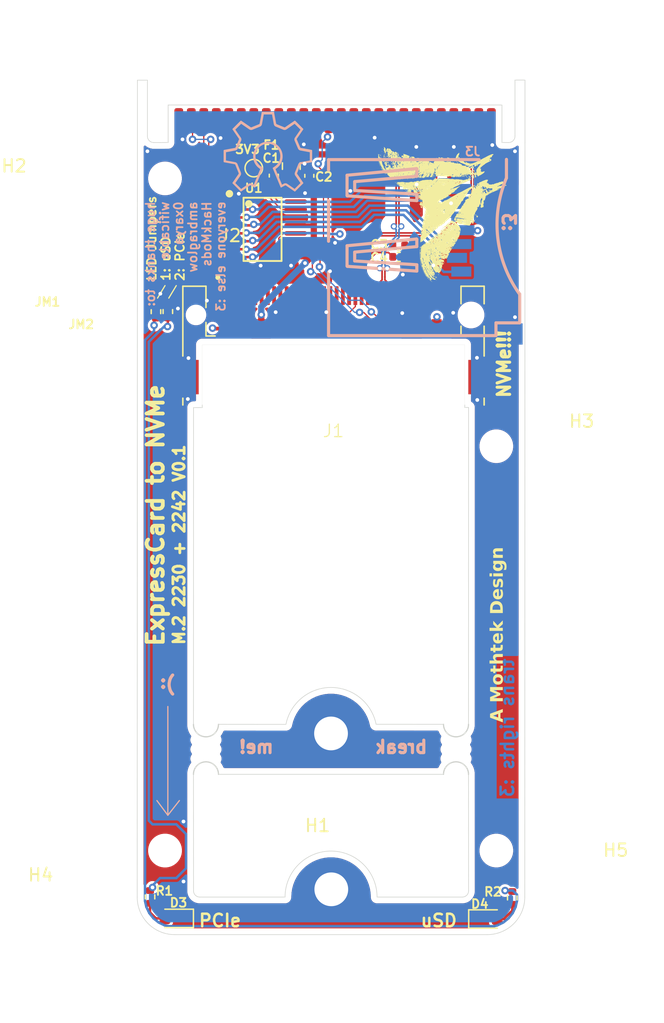
<source format=kicad_pcb>
(kicad_pcb (version 20241229) (generator "pcbnew") (generator_version "9.0")
  (layers (0 "F.Cu" signal) (4 "In1.Cu" signal) (6 "In2.Cu" signal) (2 "B.Cu" signal) (13 "F.Paste" user) (15 "B.Paste" user) (5 "F.SilkS" user "F.Silkscreen") (7 "B.SilkS" user "B.Silkscreen") (1 "F.Mask" user) (3 "B.Mask" user) (25 "Edge.Cuts" user))
  (net 0 "")
  (net 1 "PCIe_TX_P")
  (net 2 "PCIe_TX_N")
  (net 3 "GND")
  (net 4 "3V3")
  (net 6 "USB_N")
  (net 7 "USB_P")
  (net 9 "PCIe_CLK_P")
  (net 10 "CLKREQ")
  (net 11 "1V5")
  (net 12 "PCIe_RX_N")
  (net 15 "PERST")
  (net 17 "PCIe_CLK_N")
  (net 19 "PCIe_RX_P")
  (net 21 "SD_DAT0")
  (net 22 "PCIe_TX_C_P")
  (net 23 "PCIe_TX_C_N")
  (net 24 "SD_CMD")
  (net 25 "SD_3V3")
  (net 26 "SD_DAT3")
  (net 27 "SD_CLK")
  (net 28 "SD_DAT2")
  (net 29 "SD_DAT1")
  (net 30 "LED_PCIe")
  (net 31 "3V3_F")
  (net 67 "LED_SD")
  (net 68 "Net-(D3-A)")
  (net 69 "Net-(D4-A)")
  (net 70 "Net-(JM1-Pad1)")
  (net 71 "Net-(JM2-Pad1)")
  (footprint "Resistor_SMD:R_0402_1005Metric" (layer "F.Cu") (at 61.675 67.785001 90)
    (property "Reference" "JM1")
    (property "Value" "0r")
  )
  (footprint "Capacitor_SMD:C_0402_1005Metric" (layer "F.Cu") (at 71.1 56.9 -90)
    (property "Reference" "C1")
    (property "Value" "0.1uF")
  )
  (footprint "MountingHole:MountingHole_2.2mm_M2" (layer "F.Cu") (at 88.9 110.9)
    (property "Reference" "H5")
    (property "Value" "MOUNTING SCREW")
  )
  (footprint "Panelization.pretty-master:mouse-bite-2mm-slot" (layer "F.Cu") (at 65.675 102.8 90)
    (property "Reference" "mouse-bite-2mm-slot" (hide yes))
    (property "Value" "VAL**" (hide yes))
    (fp_arc (start -1.999999 -1) (mid -0.999999 0.000002) (end -2 0.999999) (stroke (width 0.1)) (layer "Edge.Cuts"))
    (fp_arc (start 1.999999 1) (mid 0.999999 -0.000002) (end 2 -0.999999) (stroke (width 0.1)) (layer "Edge.Cuts"))
  )
  (footprint "thinkmoth:AMPHENOL_MDT180M03001" (layer "F.Cu") (at 75.875 68.05)
    (property "Reference" "J2")
    (property "Value" "MDT180M03001")
    (fp_line (start -10.5 2.39) (end -10.5 7.2) (stroke (width 0.01)) (layer "Edge.Cuts"))
    (fp_line (start 10.5 2.39) (end -10.5 2.39) (stroke (width 0.01)) (layer "Edge.Cuts"))
    (fp_line (start 10.5 7.2) (end 10.5 2.39) (stroke (width 0.01)) (layer "Edge.Cuts"))
  )
  (footprint "MountingHole:MountingHole_2.2mm_M2" (layer "F.Cu") (at 62.4 57.124399)
    (property "Reference" "H2")
    (property "Value" "MOUNTING SCREW")
  )
  (footprint "LED_SMD:LED_0603_1608Metric" (layer "F.Cu") (at 63.1875 116.325 180)
    (property "Reference" "D3")
    (property "Value" "LED")
  )
  (footprint "LED_SMD:LED_0603_1608Metric" (layer "F.Cu") (at 88.175 116.375)
    (property "Reference" "D4")
    (property "Value" "LED")
  )
  (footprint "GL823K-HCY04:SSOP-16_L4.9-W3.9-P0.64-LS6.0-BL" (layer "F.Cu") (at 70.2 61.2 -90)
    (property "Reference" "U1")
    (property "Value" "GL823K-HCY04")
  )
  (footprint "Fuse:Fuse_0805_2012Metric" (layer "F.Cu") (at 72.5 56.1375 90)
    (property "Reference" "F1")
    (property "Value" "Fuse_Small")
  )
  (footprint "thinkmoth:ExpressCard_Plug" (layer "F.Cu") (at 76 52.5)
    (property "Reference" "J1")
    (property "Value" "ExpressCard")
    (fp_line (start -13.35 -1.25) (end 13.35 -1.25) (stroke (width 0.05)) (layer "Edge.Cuts"))
    (fp_line (start -13.35 1.75) (end -13.35 -1.25) (stroke (width 0.05)) (layer "Edge.Cuts"))
    (fp_line (start 13.35 -1.25) (end 13.35 1.75) (stroke (width 0.05)) (layer "Edge.Cuts"))
  )
  (footprint "Resistor_SMD:R_0402_1005Metric" (layer "F.Cu") (at 62.625 67.775 90)
    (property "Reference" "JM2")
    (property "Value" "0r")
  )
  (footprint "Capacitor_SMD:C_0402_1005Metric" (layer "F.Cu") (at 73.941727 56.916212 -90)
    (property "Reference" "C2")
    (property "Value" "0.1uF")
  )
  (footprint "Capacitor_SMD:C_0402_1005Metric" (layer "F.Cu") (at 81.097684 62.485701 180)
    (property "Reference" "C3")
    (property "Value" "0.1uF")
  )
  (footprint "MountingHole:MountingHole_2.2mm_M2" (layer "F.Cu") (at 62.4 110.9)
    (property "Reference" "H4")
    (property "Value" "MOUNTING SCREW")
  )
  (footprint "Resistor_SMD:R_0402_1005Metric" (layer "F.Cu") (at 90.175 114.689999 90)
    (property "Reference" "R2")
    (property "Value" "4kR")
  )
  (footprint "TestPoint:TestPoint_Pad_D1.0mm" (layer "F.Cu") (at 69.5 56.3)
    (property "Reference" "3V3")
    (property "Value" "3V3" (hide yes))
  )
  (footprint "Capacitor_SMD:C_0402_1005Metric" (layer "F.Cu") (at 81.1 63.4 180)
    (property "Reference" "C4")
    (property "Value" "0.1uF")
  )
  (footprint "MountingHole:MountingHole_2.2mm_M2" (layer "F.Cu") (at 88.9 78.550836)
    (property "Reference" "H3")
    (property "Value" "MOUNTING SCREW")
  )
  (footprint "MountingHole:MountingHole_2.7mm_M2.5_DIN965_Pad" (layer "F.Cu") (at 75.7 114)
    (property "Reference" "H1")
    (property "Value" "M.2 SCREW")
  )
  (footprint "" (layer "F.Cu") (at 75.6775 101.53)
    (property "Reference" "")
    (property "Value" "")
  )
  (footprint "Panelization.pretty-master:mouse-bite-2mm-slot" (layer "F.Cu") (at 85.675 102.8 90)
    (property "Reference" "mouse-bite-2mm-slot" (hide yes))
    (property "Value" "VAL**" (hide yes))
    (fp_arc (start -1.999999 -1) (mid -0.999999 0.000002) (end -2 0.999999) (stroke (width 0.1)) (layer "Edge.Cuts"))
    (fp_arc (start 1.999999 1) (mid 0.999999 -0.000002) (end 2 -0.999999) (stroke (width 0.1)) (layer "Edge.Cuts"))
  )
  (footprint "Resistor_SMD:R_0402_1005Metric" (layer "F.Cu") (at 61.2 114.610001 90)
    (property "Reference" "R1")
    (property "Value" "4kR")
  )
  (footprint "SOFNG-TF-001B:TF-SMD_TF-001B" (layer "B.Cu") (at 82.95 62.85 180)
    (property "Reference" "J3")
    (property "Value" "TF-001B")
  )
  (gr_poly (pts (xy 84.609466 61.106462) (xy 84.609021 61.105226) (xy 84.608649 61.104069) (xy 84.608349 61.102984) (xy 84.608123 61.101977) (xy 84.60797 61.101043) (xy 84.607895 61.100183) (xy 84.607891 61.099395) (xy 84.607965 61.098682) (xy 84.608115 61.098036) (xy 84.608343 61.097467) (xy 84.608649 61.096966) (xy 84.609032 61.096536) (xy 84.609495 61.096179) (xy 84.610036 61.095886) (xy 84.61066 61.095665) (xy 84.611365 61.095513) (xy 84.612149 61.095427) (xy 84.613015 61.095408) (xy 84.613967 61.095456) (xy 84.614998 61.095572) (xy 84.616117 61.095751) (xy 84.617318 61.095999) (xy 84.618604 61.096306) (xy 84.619977 61.09668) (xy 84.621435 61.097116) (xy 84.624615 61.09818) (xy 84.627181 61.098764) (xy 84.629742 61.099201) (xy 84.632284 61.099494) (xy 84.634791 61.099645) (xy 84.637251 61.099656) (xy 84.639645 61.099526) (xy 84.641958 61.09926) (xy 84.644181 61.098858) (xy 84.646292 61.098324) (xy 84.648279 61.097657) (xy 84.649222 61.097274) (xy 84.650127 61.09686) (xy 84.650996 61.096412) (xy 84.651822 61.095934) (xy 84.652607 61.095423) (xy 84.653346 61.094879) (xy 84.654042 61.094305) (xy 84.65469 61.093702) (xy 84.655286 61.093065) (xy 84.655834 61.092399) (xy 84.656323 61.091702) (xy 84.656761 61.090976) (xy 84.657525 61.089622) (xy 84.658181 61.088527) (xy 84.65873 61.08769) (xy 84.659172 61.087112) (xy 84.659352 61.086924) (xy 84.659504 61.086797) (xy 84.659632 61.086734) (xy 84.65973 61.086739) (xy 84.659806 61.086805) (xy 84.65985 61.086939) (xy 84.65987 61.087137) (xy 84.659862 61.087398) (xy 84.659766 61.088118) (xy 84.659564 61.0891) (xy 84.659252 61.090337) (xy 84.658836 61.091836) (xy 84.657679 61.095606) (xy 84.656091 61.100418) (xy 84.655417 61.102806) (xy 84.654904 61.105313) (xy 84.654553 61.107913) (xy 84.654359 61.110585) (xy 84.654316 61.113301) (xy 84.654424 61.116035) (xy 84.654677 61.118764) (xy 84.655071 61.121459) (xy 84.655599 61.124099) (xy 84.656264 61.126658) (xy 84.657058 61.129107) (xy 84.657978 61.131424) (xy 84.659022 61.133582) (xy 84.660184 61.135558) (xy 84.66146 61.137323) (xy 84.662141 61.138121) (xy 84.662848 61.138858) (xy 84.663597 61.139681) (xy 84.664303 61.140509) (xy 84.664962 61.141335) (xy 84.665578 61.142154) (xy 84.666147 61.142972) (xy 84.666672 61.143784) (xy 84.66715 61.144591) (xy 84.667584 61.145393) (xy 84.667971 61.146183) (xy 84.668313 61.146968) (xy 84.668608 61.147743) (xy 84.668857 61.148503) (xy 84.669062 61.149255) (xy 84.669217 61.149991) (xy 84.669329 61.150714) (xy 84.669389 61.151421) (xy 84.669405 61.152113) (xy 84.669374 61.152787) (xy 84.669295 61.153444) (xy 84.669167 61.15408) (xy 84.668994 61.154695) (xy 84.668772 61.155288) (xy 84.668504 61.155861) (xy 84.668185 61.156407) (xy 84.667818 61.156932) (xy 84.667403 61.157426) (xy 84.666941 61.157898) (xy 84.666427 61.158339) (xy 84.665868 61.158754) (xy 84.665257 61.159136) (xy 84.664599 61.15949) (xy 84.663889 61.159809) (xy 84.663144 61.160092) (xy 84.662372 61.160333) (xy 84.661579 61.16053) (xy 84.660764 61.160688) (xy 84.65993 61.160806) (xy 84.659079 61.160885) (xy 84.658215 61.160926) (xy 84.657336 61.160925) (xy 84.655545 61.160813) (xy 84.653727 61.160554) (xy 84.651895 61.160155) (xy 84.650064 61.159617) (xy 84.648249 61.158949) (xy 84.646467 61.158152) (xy 84.644734 61.15723) (xy 84.643061 61.156193) (xy 84.641468 61.155043) (xy 84.639969 61.153784) (xy 84.639261 61.153116) (xy 84.638579 61.152421) (xy 84.63793 61.151703) (xy 84.637316 61.150961) (xy 84.635924 61.149679) (xy 84.63445 61.148172) (xy 84.6329 61.146457) (xy 84.631296 61.144553) (xy 84.627966 61.140256) (xy 84.624579 61.135426) (xy 84.621247 61.130216) (xy 84.618089 61.124772) (xy 84.616612 61.122013) (xy 84.615219 61.119248) (xy 84.613926 61.116499) (xy 84.612752 61.113786) (xy 84.611227 61.110622) (xy 84.609983 61.10777)) (fill yes) (layer "F.SilkS"))
  (gr_poly (pts (xy 85.52549 60.518544) (xy 85.525434 60.518283) (xy 85.525408 60.518008) (xy 85.525413 60.517724) (xy 85.525508 60.517125) (xy 85.52572 60.516492) (xy 85.526045 60.51583) (xy 85.52648 60.515144) (xy 85.527025 60.514441) (xy 85.527679 60.513724) (xy 85.528433 60.513001) (xy 85.529291 60.512274) (xy 85.530247 60.511552) (xy 85.531302 60.51084) (xy 85.532452 60.51014) (xy 85.533697 60.50946) (xy 85.53503 60.508805) (xy 85.536453 60.50818) (xy 85.537071 60.507947) (xy 85.537704 60.507748) (xy 85.53835 60.50759) (xy 85.539007 60.50747) (xy 85.539674 60.507382) (xy 85.540347 60.507333) (xy 85.541027 60.507318) (xy 85.541713 60.507338) (xy 85.5424 60.507394) (xy 85.543091 60.507483) (xy 85.54378 60.507604) (xy 85.544468 60.507761) (xy 85.545153 60.507948) (xy 85.545832 60.508168) (xy 85.546505 60.508422) (xy 85.54717 60.508704) (xy 85.547828 60.509019) (xy 85.548473 60.509363) (xy 85.549103 60.509738) (xy 85.549721 60.510142) (xy 85.550323 60.510577) (xy 85.550907 60.511037) (xy 85.55147 60.511528) (xy 85.552016 60.512044) (xy 85.552537 60.512589) (xy 85.553035 60.51316) (xy 85.553507 60.513756) (xy 85.553953 60.514381) (xy 85.554367 60.515027) (xy 85.554755 60.5157) (xy 85.555109 60.5164) (xy 85.555431 60.51712) (xy 85.555662 60.517728) (xy 85.555843 60.518327) (xy 85.555978 60.518918) (xy 85.556072 60.519497) (xy 85.556121 60.520067) (xy 85.556126 60.520625) (xy 85.556091 60.521169) (xy 85.556014 60.521699) (xy 85.555898 60.522215) (xy 85.555744 60.522715) (xy 85.55555 60.523199) (xy 85.55532 60.523663) (xy 85.555057 60.52411) (xy 85.554756 60.524536) (xy 85.554423 60.524943) (xy 85.554057 60.525325) (xy 85.55366 60.52569) (xy 85.553229 60.526026) (xy 85.55277 60.52634) (xy 85.552285 60.526627) (xy 85.551768 60.526889) (xy 85.551227 60.527123) (xy 85.550659 60.527329) (xy 85.550067 60.527506) (xy 85.54945 60.52765) (xy 85.548811 60.527764) (xy 85.54815 60.527847) (xy 85.547468 60.527896) (xy 85.546767 60.527909) (xy 85.546047 60.527888) (xy 85.545309 60.527831) (xy 85.544553 60.527735) (xy 85.542802 60.527567) (xy 85.541093 60.527318) (xy 85.539435 60.526997) (xy 85.537833 60.526605) (xy 85.536294 60.526154) (xy 85.534827 60.525643) (xy 85.533438 60.525083) (xy 85.532131 60.52448) (xy 85.530917 60.523839) (xy 85.529802 60.523165) (xy 85.528795 60.522466) (xy 85.527898 60.521747) (xy 85.527493 60.521383) (xy 85.527121 60.521015) (xy 85.526779 60.520646) (xy 85.52647 60.520275) (xy 85.526195 60.519902) (xy 85.525952 60.519532) (xy 85.525746 60.519162) (xy 85.525576 60.518795)) (fill yes) (layer "F.SilkS"))
  (gr_poly (pts (xy 83.55486 63.910203) (xy 83.554357 63.908856) (xy 83.553883 63.907507) (xy 83.553447 63.90616) (xy 83.553041 63.904817) (xy 83.552673 63.903483) (xy 83.55234 63.902157) (xy 83.552041 63.900844) (xy 83.551777 63.899545) (xy 83.551549 63.898262) (xy 83.551356 63.897001) (xy 83.551197 63.895762) (xy 83.551075 63.894545) (xy 83.55099 63.893357) (xy 83.550939 63.892195) (xy 83.550926 63.891066) (xy 83.550948 63.889972) (xy 83.551009 63.888914) (xy 83.551105 63.887897) (xy 83.551239 63.886919) (xy 83.55141 63.885986) (xy 83.551618 63.8851) (xy 83.551864 63.88426) (xy 83.552147 63.883473) (xy 83.552468 63.882741) (xy 83.552828 63.882063) (xy 83.553227 63.881443) (xy 83.553662 63.880885) (xy 83.554137 63.880391) (xy 83.55465 63.879961) (xy 83.555203 63.879603) (xy 83.555794 63.879313) (xy 83.557965 63.878494) (xy 83.560075 63.877853) (xy 83.562121 63.877388) (xy 83.5641 63.877092) (xy 83.566009 63.876956) (xy 83.567846 63.876979) (xy 83.569605 63.877156) (xy 83.571286 63.877478) (xy 83.572884 63.877942) (xy 83.574397 63.878543) (xy 83.575823 63.879273) (xy 83.577156 63.88013) (xy 83.578394 63.881107) (xy 83.579535 63.882197) (xy 83.580575 63.883397) (xy 83.581509 63.884698) (xy 83.582338 63.886101) (xy 83.583056 63.887593) (xy 83.583661 63.889174) (xy 83.58415 63.890836) (xy 83.584519 63.892576) (xy 83.584764 63.894385) (xy 83.584888 63.89626) (xy 83.584881 63.898196) (xy 83.584741 63.900187) (xy 83.584468 63.902223) (xy 83.584056 63.904305) (xy 83.583501 63.906427) (xy 83.582804 63.908579) (xy 83.581959 63.910761) (xy 83.580967 63.912964) (xy 83.579818 63.915184) (xy 83.577747 63.918706) (xy 83.575851 63.921749) (xy 83.574109 63.924308) (xy 83.572498 63.926377) (xy 83.571734 63.92723) (xy 83.570995 63.927955) (xy 83.570278 63.92856) (xy 83.56958 63.929034) (xy 83.568899 63.929389) (xy 83.56823 63.929615) (xy 83.567573 63.929717) (xy 83.566923 63.929689) (xy 83.56628 63.929535) (xy 83.56564 63.929254) (xy 83.564998 63.928843) (xy 83.564354 63.928302) (xy 83.563704 63.927632) (xy 83.563044 63.926831) (xy 83.562376 63.925901) (xy 83.561693 63.924839) (xy 83.560275 63.922319) (xy 83.558767 63.919268) (xy 83.557152 63.915679) (xy 83.555402 63.911551)) (fill yes) (layer "F.SilkS"))
  (gr_poly (pts (xy 80.172928 55.594721) (xy 80.171947 55.592138) (xy 80.171047 55.589625) (xy 80.170222 55.587181) (xy 80.169475 55.58481) (xy 80.168804 55.582507) (xy 80.168211 55.580276) (xy 80.16769 55.578119) (xy 80.167247 55.576035) (xy 80.166878 55.574027) (xy 80.166582 55.572094) (xy 80.166358 55.570235) (xy 80.166208 55.568452) (xy 80.166131 55.566748) (xy 80.166125 55.565123) (xy 80.166192 55.563576) (xy 80.166328 55.562108) (xy 80.166536 55.560722) (xy 80.166812 55.559417) (xy 80.167157 55.558192) (xy 80.167574 55.557052) (xy 80.168055 55.555996) (xy 80.168606 55.555023) (xy 80.169225 55.554136) (xy 80.169908 55.553337) (xy 80.170659 55.552622) (xy 80.171475 55.551993) (xy 80.172355 55.551454) (xy 80.173301 55.551004) (xy 80.174158 55.550611) (xy 80.175014 55.550135) (xy 80.175871 55.549586) (xy 80.176725 55.54896) (xy 80.178423 55.547494) (xy 80.1801 55.545754) (xy 80.18174 55.543763) (xy 80.183338 55.54153) (xy 80.18488 55.539082) (xy 80.186356 55.536433) (xy 80.187759 55.533599) (xy 80.189071 55.5306) (xy 80.19029 55.527453) (xy 80.191398 55.524177) (xy 80.192392 55.520788) (xy 80.193255 55.517305) (xy 80.19398 55.513744) (xy 80.194553 55.510128) (xy 80.195534 55.505136) (xy 80.196553 55.500691) (xy 80.197085 55.498668) (xy 80.197636 55.49677) (xy 80.198206 55.495002) (xy 80.198798 55.493358) (xy 80.199417 55.491833) (xy 80.200065 55.490428) (xy 80.200742 55.489139) (xy 80.201456 55.487964) (xy 80.202203 55.486902) (xy 80.20299 55.485946) (xy 80.203815 55.485099) (xy 80.204688 55.484355) (xy 80.205606 55.483711) (xy 80.206574 55.48317) (xy 80.207594 55.482723) (xy 80.208666 55.482371) (xy 80.209797 55.482111) (xy 80.210985 55.481938) (xy 80.212239 55.481853) (xy 80.213556 55.481851) (xy 80.21494 55.481932) (xy 80.216394 55.482092) (xy 80.217919 55.482328) (xy 80.219524 55.482639) (xy 80.221202 55.483024) (xy 80.222964 55.483475) (xy 80.226735 55.484578) (xy 80.230658 55.485713) (xy 80.234042 55.486891) (xy 80.236884 55.48814) (xy 80.2381 55.488802) (xy 80.239179 55.489494) (xy 80.24012 55.490223) (xy 80.240922 55.49099) (xy 80.241584 55.491797) (xy 80.24211 55.492653) (xy 80.242495 55.493561) (xy 80.242739 55.494524) (xy 80.242842 55.495547) (xy 80.242804 55.496632) (xy 80.242622 55.497785) (xy 80.242301 55.49901) (xy 80.241835 55.500314) (xy 80.241226 55.501694) (xy 80.240471 55.503161) (xy 80.239574 55.504718) (xy 80.237342 55.508105) (xy 80.234525 55.5119) (xy 80.231119 55.516132) (xy 80.227123 55.520834) (xy 80.222526 55.526032) (xy 80.219139 55.530171) (xy 80.215963 55.534527) (xy 80.212998 55.539081) (xy 80.210249 55.543815) (xy 80.207717 55.548708) (xy 80.205409 55.553742) (xy 80.203324 55.558899) (xy 80.201469 55.564158) (xy 80.199842 55.569499) (xy 80.198453 55.574905) (xy 80.197301 55.580354) (xy 80.196389 55.58583) (xy 80.195723 55.591313) (xy 80.195301 55.596781) (xy 80.195133 55.602219) (xy 80.195218 55.607603) (xy 80.199461 55.654721) (xy 80.177637 55.605723) (xy 80.17634 55.602873) (xy 80.175124 55.600087) (xy 80.173986 55.59737)) (fill yes) (layer "F.SilkS"))
  (gr_poly (pts (xy 86.929239 56.938285) (xy 86.928985 56.937546) (xy 86.928768 56.936806) (xy 86.928581 56.936059) (xy 86.928426 56.935315) (xy 86.928307 56.934572) (xy 86.928221 56.933831) (xy 86.928167 56.933093) (xy 86.928148 56.932358) (xy 86.92816 56.931629) (xy 86.928205 56.930907) (xy 86.928285 56.930192) (xy 86.928397 56.929489) (xy 86.928541 56.928792) (xy 86.928719 56.928107) (xy 86.928925 56.927433) (xy 86.929168 56.926773) (xy 86.92944 56.926129) (xy 86.929748 56.9255) (xy 86.930084 56.924888) (xy 86.930456 56.924294) (xy 86.930857 56.92372) (xy 86.931293 56.923166) (xy 86.931758 56.922631) (xy 86.932256 56.922122) (xy 86.932786 56.921637) (xy 86.933347 56.921173) (xy 86.933941 56.920739) (xy 86.934563 56.92033) (xy 86.935219 56.91995) (xy 86.935905 56.919601) (xy 86.936624 56.919282) (xy 86.937237 56.919034) (xy 86.937856 56.918805) (xy 86.938478 56.91859) (xy 86.939102 56.918391) (xy 86.939728 56.918206) (xy 86.940353 56.918037) (xy 86.940976 56.917885) (xy 86.941595 56.917747) (xy 86.942821 56.917516) (xy 86.944012 56.91735) (xy 86.944592 56.917287) (xy 86.945162 56.917242) (xy 86.945717 56.917213) (xy 86.946261 56.917197) (xy 86.946786 56.917198) (xy 86.947297 56.917215) (xy 86.947785 56.917248) (xy 86.948256 56.917295) (xy 86.948704 56.917362) (xy 86.949129 56.917439) (xy 86.94953 56.917534) (xy 86.949906 56.917645) (xy 86.950254 56.917771) (xy 86.950576 56.917912) (xy 86.950864 56.918071) (xy 86.951122 56.918245) (xy 86.95135 56.918433) (xy 86.951543 56.918638) (xy 86.9517 56.918859) (xy 86.95182 56.919094) (xy 86.951956 56.919477) (xy 86.95206 56.919889) (xy 86.952135 56.92033) (xy 86.952179 56.920796) (xy 86.952186 56.921802) (xy 86.952083 56.9229) (xy 86.951876 56.924076) (xy 86.951577 56.925317) (xy 86.951187 56.926614) (xy 86.950716 56.927954) (xy 86.950167 56.929325) (xy 86.949548 56.930716) (xy 86.948866 56.932116) (xy 86.948126 56.933512) (xy 86.947336 56.934895) (xy 86.946501 56.936252) (xy 86.945628 56.937568) (xy 86.944724 56.938837) (xy 86.944143 56.939484) (xy 86.94356 56.940089) (xy 86.942981 56.940648) (xy 86.9424 56.941164) (xy 86.941822 56.941637) (xy 86.941248 56.942067) (xy 86.940678 56.942457) (xy 86.940113 56.942798) (xy 86.93955 56.943101) (xy 86.938993 56.943361) (xy 86.938444 56.943579) (xy 86.937902 56.943756) (xy 86.937366 56.943892) (xy 86.936838 56.943988) (xy 86.93632 56.944041) (xy 86.935811 56.944056) (xy 86.935313 56.944028) (xy 86.934825 56.943962) (xy 86.93435 56.943859) (xy 86.933885 56.943715) (xy 86.933435 56.94353) (xy 86.932999 56.943308) (xy 86.932575 56.943048) (xy 86.932167 56.942748) (xy 86.931775 56.942412) (xy 86.9314 56.942038) (xy 86.93104 56.941625) (xy 86.9307 56.941178) (xy 86.930377 56.940693) (xy 86.930073 56.940172) (xy 86.92979 56.939615) (xy 86.929526 56.939021)) (fill yes) (layer "F.SilkS"))
  (gr_poly (pts (xy 88.43396 55.519251) (xy 88.433714 55.518523) (xy 88.433497 55.5178) (xy 88.433319 55.517079) (xy 88.433177 55.516367) (xy 88.433068 55.515658) (xy 88.432994 55.514958) (xy 88.432951 55.514268) (xy 88.432943 55.513584) (xy 88.432967 55.51291) (xy 88.433021 55.512247) (xy 88.433107 55.511598) (xy 88.433223 55.510956) (xy 88.433371 55.510328) (xy 88.433547 55.509714) (xy 88.433753 55.509114) (xy 88.433987 55.508529) (xy 88.43425 55.50796) (xy 88.43454 55.507409) (xy 88.434855 55.506873) (xy 88.4352 55.506356) (xy 88.435569 55.505858) (xy 88.435964 55.505379) (xy 88.436383 55.504923) (xy 88.436828 55.504485) (xy 88.437298 55.504071) (xy 88.437788 55.503678) (xy 88.438303 55.503311) (xy 88.438838 55.502966) (xy 88.439398 55.502647) (xy 88.439977 55.502354) (xy 88.440578 55.502087) (xy 88.441322 55.501798) (xy 88.442084 55.501533) (xy 88.442864 55.501298) (xy 88.44366 55.501091) (xy 88.44447 55.500911) (xy 88.445294 55.500757) (xy 88.446129 55.500632) (xy 88.446976 55.500536) (xy 88.448694 55.500422) (xy 88.450439 55.500421) (xy 88.452197 55.500526) (xy 88.45396 55.500745) (xy 88.455714 55.501072) (xy 88.456585 55.50128) (xy 88.457449 55.501513) (xy 88.458306 55.501774) (xy 88.459154 55.502063) (xy 88.459992 55.502379) (xy 88.460818 55.502725) (xy 88.46163 55.503096) (xy 88.462429 55.503497) (xy 88.463211 55.503923) (xy 88.463978 55.50438) (xy 88.464723 55.504864) (xy 88.465452 55.505377) (xy 88.466155 55.505914) (xy 88.466837 55.506483) (xy 88.467433 55.506953) (xy 88.467973 55.507443) (xy 88.468458 55.507955) (xy 88.468891 55.508482) (xy 88.469274 55.509026) (xy 88.469605 55.509585) (xy 88.469879 55.510156) (xy 88.470106 55.510739) (xy 88.470277 55.511331) (xy 88.470401 55.511934) (xy 88.47047 55.512545) (xy 88.470491 55.513161) (xy 88.470457 55.51378) (xy 88.470376 55.514403) (xy 88.470243 55.515027) (xy 88.470061 55.515651) (xy 88.469831 55.51627) (xy 88.469547 55.516891) (xy 88.469215 55.517502) (xy 88.468834 55.518111) (xy 88.468405 55.518709) (xy 88.467926 55.519303) (xy 88.4674 55.519882) (xy 88.466826 55.52045) (xy 88.466199 55.521004) (xy 88.465529 55.521544) (xy 88.464808 55.522068) (xy 88.464043 55.522572) (xy 88.463229 55.523056) (xy 88.462368 55.523522) (xy 88.461458 55.523963) (xy 88.460507 55.524381) (xy 88.459406 55.524813) (xy 88.458305 55.525204) (xy 88.45721 55.525551) (xy 88.456119 55.525855) (xy 88.455032 55.526117) (xy 88.453955 55.526338) (xy 88.452888 55.526519) (xy 88.451832 55.52666) (xy 88.450787 55.526762) (xy 88.449759 55.526827) (xy 88.448746 55.526853) (xy 88.447751 55.526843) (xy 88.446776 55.526799) (xy 88.445825 55.526717) (xy 88.444892 55.526599) (xy 88.443989 55.52645) (xy 88.443109 55.526266) (xy 88.442257 55.526048) (xy 88.441436 55.5258) (xy 88.440645 55.525521) (xy 88.439891 55.52521) (xy 88.439169 55.52487) (xy 88.438485 55.524503) (xy 88.437837 55.524103) (xy 88.437229 55.523679) (xy 88.436664 55.523228) (xy 88.436143 55.522748) (xy 88.435666 55.522244) (xy 88.435238 55.521715) (xy 88.434856 55.521162) (xy 88.434524 55.520584) (xy 88.434245 55.519985)) (fill yes) (layer "F.SilkS"))
  (gr_poly (pts (xy 89.282688 57.922771) (xy 89.282524 57.922148) (xy 89.282397 57.9215) (xy 89.282313 57.92083) (xy 89.282272 57.920138) (xy 89.282274 57.919425) (xy 89.282321 57.918693) (xy 89.28241 57.917939) (xy 89.282556 57.917028) (xy 89.282864 57.916067) (xy 89.28395 57.914013) (xy 89.285633 57.911791) (xy 89.28788 57.909421) (xy 89.290654 57.90692) (xy 89.293922 57.90431) (xy 89.297649 57.901609) (xy 89.301799 57.898832) (xy 89.306339 57.896006) (xy 89.311236 57.893142) (xy 89.321949 57.887385) (xy 89.333666 57.881715) (xy 89.346107 57.876282) (xy 89.3537 57.873439) (xy 89.360643 57.870915) (xy 89.366937 57.868703) (xy 89.372591 57.866814) (xy 89.375177 57.865992) (xy 89.377608 57.865251) (xy 89.379882 57.864594) (xy 89.381997 57.86402) (xy 89.383959 57.863527) (xy 89.385764 57.86312) (xy 89.387417 57.862797) (xy 89.388916 57.862557) (xy 89.390262 57.862406) (xy 89.391458 57.862337) (xy 89.392502 57.862357) (xy 89.393395 57.862465) (xy 89.393784 57.862554) (xy 89.394139 57.86266) (xy 89.394455 57.862792) (xy 89.394735 57.862942) (xy 89.394977 57.863119) (xy 89.395182 57.863315) (xy 89.395351 57.863534) (xy 89.395481 57.863775) (xy 89.395577 57.86404) (xy 89.395638 57.864326) (xy 89.395659 57.864635) (xy 89.395645 57.864968) (xy 89.395594 57.865322) (xy 89.395509 57.865698) (xy 89.395229 57.866521) (xy 89.394806 57.867435) (xy 89.394241 57.868442) (xy 89.393533 57.869543) (xy 89.392686 57.870732) (xy 89.389591 57.874519) (xy 89.385864 57.87842) (xy 89.381549 57.882405) (xy 89.376711 57.886444) (xy 89.371398 57.89051) (xy 89.365668 57.894571) (xy 89.359575 57.898598) (xy 89.353176 57.902565) (xy 89.346521 57.906437) (xy 89.33967 57.91019) (xy 89.332674 57.913791) (xy 89.325591 57.917212) (xy 89.318474 57.920422) (xy 89.31138 57.923392) (xy 89.304362 57.926095) (xy 89.297476 57.9285) (xy 89.296578 57.928712) (xy 89.295701 57.928879) (xy 89.294842 57.929006) (xy 89.294002 57.929091) (xy 89.293187 57.929134) (xy 89.292392 57.929141) (xy 89.291621 57.929107) (xy 89.290872 57.929038) (xy 89.290151 57.92893) (xy 89.289456 57.928785) (xy 89.288785 57.928607) (xy 89.288141 57.928393) (xy 89.287528 57.928143) (xy 89.286942 57.92786) (xy 89.286388 57.927546) (xy 89.285864 57.927199) (xy 89.285372 57.926822) (xy 89.284913 57.926414) (xy 89.284489 57.925976) (xy 89.284096 57.925509) (xy 89.283742 57.925015) (xy 89.283423 57.924495) (xy 89.283138 57.923945) (xy 89.282894 57.923371)) (fill yes) (layer "F.SilkS"))
  (gr_poly (pts (xy 80.47804 56.002317) (xy 80.477711 56.001151) (xy 80.477477 55.999989) (xy 80.477342 55.998837) (xy 80.477307 55.997701) (xy 80.477371 55.996585) (xy 80.477539 55.995494) (xy 80.477811 55.994431) (xy 80.478189 55.993403) (xy 80.478676 55.99241) (xy 80.479269 55.991462) (xy 80.479974 55.990561) (xy 80.480792 55.989712) (xy 80.481723 55.988921) (xy 80.482772 55.988191) (xy 80.483937 55.987528) (xy 80.485222 55.986933) (xy 80.485848 55.986704) (xy 80.486502 55.986526) (xy 80.487184 55.986395) (xy 80.48789 55.986311) (xy 80.488622 55.986272) (xy 80.489377 55.986278) (xy 80.490951 55.98642) (xy 80.492605 55.986727) (xy 80.494322 55.987192) (xy 80.496098 55.9878) (xy 80.497918 55.988546) (xy 80.499775 55.989422) (xy 80.501657 55.990417) (xy 80.503551 55.991523) (xy 80.505451 55.992728) (xy 80.507343 55.994027) (xy 80.509219 55.995411) (xy 80.511067 55.996866) (xy 80.512878 55.998387) (xy 80.514176 55.999951) (xy 80.515329 56.001485) (xy 80.516342 56.002986) (xy 80.517214 56.004446) (xy 80.517953 56.005865) (xy 80.518554 56.00724) (xy 80.519027 56.008571) (xy 80.519368 56.00985) (xy 80.519584 56.011078) (xy 80.519673 56.012252) (xy 80.519642 56.013363) (xy 80.51949 56.014415) (xy 80.51922 56.015403) (xy 80.518838 56.016321) (xy 80.518341 56.017175) (xy 80.517735 56.01795) (xy 80.517019 56.01865) (xy 80.516202 56.019271) (xy 80.515281 56.019809) (xy 80.514257 56.020265) (xy 80.513137 56.020629) (xy 80.511922 56.020905) (xy 80.510614 56.021085) (xy 80.509213 56.021171) (xy 80.507724 56.021154) (xy 80.506149 56.021034) (xy 80.504493 56.020812) (xy 80.502753 56.020476) (xy 80.500936 56.020034) (xy 80.499043 56.019474) (xy 80.497076 56.018794) (xy 80.495036 56.017996) (xy 80.493392 56.017367) (xy 80.491818 56.016669) (xy 80.490316 56.015907) (xy 80.488886 56.015086) (xy 80.487534 56.014212) (xy 80.486256 56.013287) (xy 80.485056 56.012316) (xy 80.483935 56.011306) (xy 80.482896 56.010261) (xy 80.48194 56.009182) (xy 80.481069 56.008077) (xy 80.480285 56.006952) (xy 80.479588 56.005808) (xy 80.47898 56.004652) (xy 80.478463 56.003485)) (fill yes) (layer "F.SilkS"))
  (gr_poly (pts (xy 86.660087 57.096885) (xy 86.659666 57.095507) (xy 86.658989 57.092452) (xy 86.658541 57.088995) (xy 86.658327 57.085149) (xy 86.658347 57.080918) (xy 86.658603 57.076311) (xy 86.659104 57.071335) (xy 86.659847 57.066) (xy 86.660132 57.064629) (xy 86.660438 57.063323) (xy 86.660759 57.062079) (xy 86.6611 57.060903) (xy 86.661458 57.059789) (xy 86.661833 57.058744) (xy 86.662229 57.057762) (xy 86.662642 57.056847) (xy 86.663072 57.055999) (xy 86.663523 57.055217) (xy 86.663992 57.054501) (xy 86.664479 57.053852) (xy 86.664985 57.053272) (xy 86.665512 57.052757) (xy 86.666054 57.052309) (xy 86.666618 57.05193) (xy 86.667201 57.051618) (xy 86.667804 57.051379) (xy 86.668425 57.051203) (xy 86.669064 57.051098) (xy 86.669727 57.051063) (xy 86.670408 57.051096) (xy 86.671108 57.051199) (xy 86.671829 57.051371) (xy 86.672569 57.051613) (xy 86.673329 57.051929) (xy 86.67411 57.05231) (xy 86.67491 57.052765) (xy 86.675733 57.05329) (xy 86.676574 57.053886) (xy 86.677439 57.054554) (xy 86.678321 57.055294) (xy 86.679902 57.05652) (xy 86.681364 57.057835) (xy 86.682719 57.05923) (xy 86.683959 57.060694) (xy 86.685087 57.062223) (xy 86.686105 57.063811) (xy 86.687012 57.065452) (xy 86.687809 57.067139) (xy 86.688497 57.068862) (xy 86.689077 57.07062) (xy 86.689547 57.0724) (xy 86.68991 57.074199) (xy 86.690166 57.076012) (xy 86.690318 57.077829) (xy 86.690362 57.079644) (xy 86.690303 57.081451) (xy 86.690137 57.083242) (xy 86.689865 57.085014) (xy 86.689495 57.086758) (xy 86.689017 57.088465) (xy 86.688441 57.090132) (xy 86.687761 57.09175) (xy 86.68698 57.093313) (xy 86.686101 57.094814) (xy 86.685118 57.096247) (xy 86.684039 57.097604) (xy 86.682861 57.098882) (xy 86.681582 57.10007) (xy 86.680208 57.101164) (xy 86.678738 57.102155) (xy 86.67717 57.103039) (xy 86.675507 57.103807) (xy 86.674188 57.104304) (xy 86.672917 57.104685) (xy 86.671696 57.104949) (xy 86.670527 57.105095) (xy 86.669407 57.105126) (xy 86.66834 57.105045) (xy 86.667324 57.10485) (xy 86.66636 57.104544) (xy 86.66545 57.104123) (xy 86.664589 57.103594) (xy 86.663784 57.102956) (xy 86.663031 57.102209) (xy 86.662334 57.101355) (xy 86.661688 57.100395) (xy 86.6611 57.099329) (xy 86.660567 57.098158)) (fill yes) (layer "F.SilkS"))
  (gr_poly (pts (xy 82.528929 58.667789) (xy 82.528713 58.667046) (xy 82.528553 58.666299) (xy 82.528454 58.665548) (xy 82.52841 58.664793) (xy 82.528418 58.664038) (xy 82.528483 58.663281) (xy 82.5286 58.662523) (xy 82.528768 58.661765) (xy 82.528988 58.661011) (xy 82.529256 58.660259) (xy 82.529574 58.659511) (xy 82.530353 58.65803) (xy 82.531316 58.656577) (xy 82.532454 58.655157) (xy 82.533758 58.65378) (xy 82.535223 58.652454) (xy 82.536838 58.651186) (xy 82.538599 58.649985) (xy 82.540494 58.648854) (xy 82.542517 58.647807) (xy 82.54466 58.64685) (xy 82.545629 58.646465) (xy 82.54658 58.646126) (xy 82.547509 58.645828) (xy 82.548418 58.645572) (xy 82.549306 58.645358) (xy 82.55017 58.64519) (xy 82.551012 58.645062) (xy 82.551833 58.644975) (xy 82.552624 58.644932) (xy 82.55339 58.644929) (xy 82.55413 58.644967) (xy 82.55484 58.645048) (xy 82.555525 58.64517) (xy 82.556177 58.64533) (xy 82.556798 58.645534) (xy 82.557389 58.645777) (xy 82.557948 58.64606) (xy 82.558472 58.646385) (xy 82.558963 58.646746) (xy 82.559417 58.647152) (xy 82.559836 58.647593) (xy 82.560217 58.648075) (xy 82.560562 58.648595) (xy 82.560867 58.649159) (xy 82.561131 58.649757) (xy 82.561355 58.650394) (xy 82.561539 58.65107) (xy 82.561677 58.651785) (xy 82.561776 58.652541) (xy 82.561828 58.65333) (xy 82.561832 58.654158) (xy 82.561796 58.655025) (xy 82.561507 58.656574) (xy 82.561103 58.65816) (xy 82.560588 58.659771) (xy 82.559968 58.66139) (xy 82.559247 58.663009) (xy 82.558433 58.664607) (xy 82.557528 58.666176) (xy 82.556544 58.667702) (xy 82.55548 58.669169) (xy 82.554344 58.670567) (xy 82.553144 58.671878) (xy 82.551879 58.673093) (xy 82.550563 58.674195) (xy 82.549195 58.675175) (xy 82.547785 58.676016) (xy 82.547063 58.676378) (xy 82.546334 58.676704) (xy 82.54572 58.676935) (xy 82.545097 58.677129) (xy 82.54447 58.677281) (xy 82.543836 58.677394) (xy 82.543202 58.677471) (xy 82.542563 58.677509) (xy 82.541925 58.677513) (xy 82.541287 58.677481) (xy 82.540652 58.677415) (xy 82.540016 58.677316) (xy 82.539386 58.677184) (xy 82.538761 58.677022) (xy 82.538142 58.676828) (xy 82.53753 58.676603) (xy 82.536928 58.676352) (xy 82.536336 58.676072) (xy 82.535755 58.675765) (xy 82.535184 58.675431) (xy 82.534632 58.675072) (xy 82.534089 58.674689) (xy 82.533566 58.674284) (xy 82.533058 58.673854) (xy 82.53257 58.673405) (xy 82.532102 58.672934) (xy 82.531653 58.672442) (xy 82.531226 58.671933) (xy 82.530823 58.671405) (xy 82.530445 58.670862) (xy 82.530091 58.670298) (xy 82.529767 58.669722) (xy 82.529469 58.669131) (xy 82.529201 58.668528)) (fill yes) (layer "F.SilkS"))
  (gr_poly (pts (xy 80.805505 57.452473) (xy 80.805172 57.451402) (xy 80.804938 57.450372) (xy 80.804805 57.449385) (xy 80.804768 57.448438) (xy 80.804834 57.447534) (xy 80.804999 57.446666) (xy 80.805262 57.44584) (xy 80.805628 57.445049) (xy 80.806092 57.444296) (xy 80.806656 57.443581) (xy 80.807322 57.442898) (xy 80.808087 57.442248) (xy 80.808955 57.441634) (xy 80.809925 57.441051) (xy 80.810994 57.4405) (xy 80.812166 57.439977) (xy 80.812793 57.439757) (xy 80.813459 57.439601) (xy 80.814154 57.439506) (xy 80.814882 57.439477) (xy 80.815637 57.439506) (xy 80.816423 57.439594) (xy 80.818071 57.439943) (xy 80.81981 57.440514) (xy 80.821625 57.441295) (xy 80.823508 57.44228) (xy 80.825442 57.443453) (xy 80.827415 57.444806) (xy 80.829415 57.446333) (xy 80.831428 57.448017) (xy 80.833439 57.449854) (xy 80.835437 57.451829) (xy 80.83741 57.453933) (xy 80.83934 57.456158) (xy 80.841218 57.458491) (xy 80.842963 57.460847) (xy 80.844512 57.463138) (xy 80.845867 57.465358) (xy 80.847032 57.467505) (xy 80.848017 57.469574) (xy 80.848823 57.471555) (xy 80.849457 57.473448) (xy 80.849922 57.475243) (xy 80.850225 57.476939) (xy 80.850372 57.478532) (xy 80.850365 57.48001) (xy 80.850211 57.481374) (xy 80.849917 57.482615) (xy 80.849485 57.483731) (xy 80.848921 57.484715) (xy 80.848228 57.485563) (xy 80.847418 57.486267) (xy 80.846491 57.486825) (xy 80.84545 57.48723) (xy 80.844303 57.487477) (xy 80.843058 57.487561) (xy 80.841716 57.487479) (xy 80.840283 57.487222) (xy 80.838762 57.486786) (xy 80.837163 57.486167) (xy 80.835487 57.48536) (xy 80.833741 57.484359) (xy 80.831931 57.483158) (xy 80.830059 57.481753) (xy 80.828134 57.480138) (xy 80.826158 57.478308) (xy 80.824139 57.476257) (xy 80.820452 57.472541) (xy 80.818753 57.470767) (xy 80.817148 57.469049) (xy 80.815642 57.467386) (xy 80.814233 57.465778) (xy 80.812922 57.464223) (xy 80.811706 57.462721) (xy 80.810589 57.46127) (xy 80.809568 57.459868) (xy 80.808645 57.458518) (xy 80.807821 57.457215) (xy 80.807095 57.455961) (xy 80.806466 57.454753) (xy 80.805936 57.45359)) (fill yes) (layer "F.SilkS"))
  (gr_poly (pts (xy 81.381403 57.188069) (xy 81.381132 57.187349) (xy 81.380881 57.18664) (xy 81.380651 57.185944) (xy 81.380441 57.185256) (xy 81.380253 57.184583) (xy 81.380083 57.183921) (xy 81.379933 57.183275) (xy 81.379802 57.182641) (xy 81.379692 57.182026) (xy 81.3796 57.181422) (xy 81.379525 57.180836) (xy 81.37947 57.180268) (xy 81.379432 57.179718) (xy 81.379413 57.179184) (xy 81.37941 57.178671) (xy 81.379426 57.178178) (xy 81.379457 57.177705) (xy 81.379504 57.177252) (xy 81.379569 57.176821) (xy 81.379649 57.176413) (xy 81.379746 57.17603) (xy 81.379858 57.175667) (xy 81.379984 57.175333) (xy 81.380127 57.175019) (xy 81.380281 57.174733) (xy 81.380453 57.174475) (xy 81.380636 57.174242) (xy 81.380836 57.174039) (xy 81.381048 57.173863) (xy 81.381274 57.173716) (xy 81.38151 57.1736) (xy 81.381892 57.17346) (xy 81.382299 57.173345) (xy 81.383188 57.173186) (xy 81.384172 57.173122) (xy 81.38524 57.173154) (xy 81.386383 57.173277) (xy 81.38759 57.173498) (xy 81.388854 57.173811) (xy 81.390168 57.174215) (xy 81.391516 57.174713) (xy 81.392895 57.175299) (xy 81.394293 57.175978) (xy 81.3957 57.176746) (xy 81.397112 57.177599) (xy 81.39851 57.178544) (xy 81.399894 57.179577) (xy 81.401253 57.180699) (xy 81.401852 57.181164) (xy 81.402415 57.181644) (xy 81.402939 57.18214) (xy 81.403426 57.182645) (xy 81.403873 57.183163) (xy 81.404282 57.183687) (xy 81.404653 57.184221) (xy 81.404985 57.184759) (xy 81.405281 57.185302) (xy 81.405537 57.185849) (xy 81.405756 57.186398) (xy 81.405934 57.186948) (xy 81.406075 57.187494) (xy 81.406178 57.18804) (xy 81.406242 57.188582) (xy 81.406268 57.189121) (xy 81.406255 57.189651) (xy 81.406203 57.190174) (xy 81.406114 57.190687) (xy 81.405986 57.191191) (xy 81.405819 57.191681) (xy 81.405612 57.19216) (xy 81.40537 57.192622) (xy 81.405089 57.19307) (xy 81.404766 57.193499) (xy 81.404407 57.193908) (xy 81.404009 57.1943) (xy 81.403572 57.194666) (xy 81.403097 57.195012) (xy 81.402581 57.195334) (xy 81.402028 57.195626) (xy 81.401436 57.195895) (xy 81.4007 57.196177) (xy 81.399957 57.196419) (xy 81.399207 57.196624) (xy 81.398453 57.196786) (xy 81.397697 57.196914) (xy 81.396941 57.197002) (xy 81.396186 57.197053) (xy 81.395433 57.197069) (xy 81.394682 57.19705) (xy 81.393937 57.196997) (xy 81.393197 57.196912) (xy 81.392465 57.196792) (xy 81.391742 57.19664) (xy 81.391031 57.196459) (xy 81.390331 57.196247) (xy 81.389647 57.196005) (xy 81.388975 57.195734) (xy 81.38832 57.195437) (xy 81.387683 57.195114) (xy 81.387067 57.194762) (xy 81.386471 57.194386) (xy 81.385896 57.193984) (xy 81.385345 57.19356) (xy 81.38482 57.193112) (xy 81.384321 57.192641) (xy 81.383851 57.192151) (xy 81.38341 57.191638) (xy 81.382999 57.191107) (xy 81.382621 57.190557) (xy 81.382276 57.189986) (xy 81.38197 57.189401) (xy 81.381697 57.188797)) (fill yes) (layer "F.SilkS"))
  (gr_poly (pts (xy 79.656297 56.223201) (xy 79.655163 56.219233) (xy 79.655046 56.21806) (xy 79.655252 56.217467) (xy 79.655789 56.217485) (xy 79.656677 56.218147) (xy 79.659555 56.221518) (xy 79.663993 56.227816) (xy 79.670779 56.237567) (xy 79.677977 56.247546) (xy 79.69327 56.26779) (xy 79.709189 56.287735) (xy 79.725062 56.306573) (xy 79.740211 56.323493) (xy 79.747301 56.330979) (xy 79.753961 56.337681) (xy 79.7601 56.343496) (xy 79.765632 56.348325) (xy 79.77048 56.352066) (xy 79.774554 56.354615) (xy 79.77583 56.355365) (xy 79.777041 56.356128) (xy 79.778184 56.356898) (xy 79.779261 56.357677) (xy 79.780272 56.358467) (xy 79.781216 56.359266) (xy 79.782093 56.360076) (xy 79.782907 56.360891) (xy 79.783652 56.361719) (xy 79.784333 56.362558) (xy 79.78495 56.363402) (xy 79.785502 56.364256) (xy 79.785988 56.365119) (xy 79.786411 56.365993) (xy 79.786768 56.366872) (xy 79.787065 56.367761) (xy 79.787294 56.368659) (xy 79.787464 56.369565) (xy 79.787566 56.370479) (xy 79.787608 56.371401) (xy 79.787587 56.372332) (xy 79.787504 56.373272) (xy 79.787358 56.374216) (xy 79.787151 56.37517) (xy 79.786881 56.376133) (xy 79.786551 56.377103) (xy 79.786157 56.378079) (xy 79.785704 56.379065) (xy 79.785192 56.380053) (xy 79.784616 56.381052) (xy 79.783982 56.382058) (xy 79.783287 56.383071) (xy 79.782171 56.384657) (xy 79.781282 56.38637) (xy 79.78062 56.388209) (xy 79.780171 56.390154) (xy 79.779928 56.392199) (xy 79.779883 56.394333) (xy 79.780029 56.396544) (xy 79.780359 56.398819) (xy 79.780864 56.40115) (xy 79.781535 56.403525) (xy 79.782367 56.405934) (xy 79.783347 56.408363) (xy 79.785731 56.413248) (xy 79.788628 56.41809) (xy 79.791971 56.422799) (xy 79.795695 56.427288) (xy 79.799742 56.431471) (xy 79.804044 56.435258) (xy 79.806272 56.436978) (xy 79.80854 56.438564) (xy 79.810843 56.440008) (xy 79.813167 56.441298) (xy 79.81551 56.442422) (xy 79.817861 56.443372) (xy 79.820215 56.444135) (xy 79.82256 56.4447) (xy 79.823208 56.444928) (xy 79.823875 56.44528) (xy 79.825244 56.446339) (xy 79.826659 56.447854) (xy 79.828111 56.449801) (xy 79.829582 56.452146) (xy 79.831068 56.454868) (xy 79.832554 56.45794) (xy 79.834032 56.461333) (xy 79.835486 56.46502) (xy 79.836909 56.468975) (xy 79.838293 56.473172) (xy 79.83962 56.477586) (xy 79.84088 56.482186) (xy 79.842064 56.486947) (xy 79.843162 56.491843) (xy 79.844161 56.496848) (xy 79.84686 56.513199) (xy 79.847763 56.519538) (xy 79.848287 56.524613) (xy 79.848374 56.528395) (xy 79.848231 56.529789) (xy 79.847961 56.530848) (xy 79.847552 56.531568) (xy 79.846992 56.531945) (xy 79.846278 56.531975) (xy 79.845404 56.531654) (xy 79.84436 56.530978) (xy 79.84314 56.529944) (xy 79.840137 56.526781) (xy 79.836339 56.522136) (xy 79.831682 56.515978) (xy 79.819555 56.499001) (xy 79.803283 56.475596) (xy 79.781342 56.442968) (xy 79.757864 56.406967) (xy 79.735726 56.372129) (xy 79.717811 56.342989) (xy 79.710551 56.330776) (xy 79.70329 56.3181) (xy 79.689212 56.29233) (xy 79.676466 56.267621) (xy 79.665949 56.245909) (xy 79.661802 56.236781) (xy 79.65855 56.229131)) (fill yes) (layer "F.SilkS"))
  (gr_poly (pts (xy 86.801105 56.960814) (xy 86.800852 56.960074) (xy 86.800634 56.959333) (xy 86.800446 56.958587) (xy 86.800294 56.957842) (xy 86.800173 56.9571) (xy 86.800088 56.956358) (xy 86.800035 56.95562) (xy 86.800016 56.954887) (xy 86.80003 56.954154) (xy 86.800074 56.953435) (xy 86.800152 56.952719) (xy 86.800265 56.952014) (xy 86.800407 56.951319) (xy 86.800584 56.950632) (xy 86.800793 56.949959) (xy 86.801034 56.949301) (xy 86.801307 56.948656) (xy 86.801615 56.948029) (xy 86.801953 56.947416) (xy 86.802323 56.946823) (xy 86.802725 56.946247) (xy 86.80316 56.945692) (xy 86.803627 56.945159) (xy 86.804124 56.944651) (xy 86.804652 56.944163) (xy 86.805214 56.943702) (xy 86.805806 56.943265) (xy 86.80643 56.942857) (xy 86.807087 56.942477) (xy 86.807772 56.942128) (xy 86.80849 56.941808) (xy 86.809104 56.941562) (xy 86.809723 56.941333) (xy 86.810344 56.941117) (xy 86.810971 56.940918) (xy 86.811596 56.940734) (xy 86.812221 56.940565) (xy 86.812842 56.940413) (xy 86.813462 56.940273) (xy 86.814686 56.940044) (xy 86.815878 56.939875) (xy 86.816459 56.939814) (xy 86.817028 56.93977) (xy 86.817586 56.93974) (xy 86.81813 56.939726) (xy 86.818655 56.939728) (xy 86.819163 56.939743) (xy 86.819652 56.939775) (xy 86.820121 56.939823) (xy 86.820571 56.939886) (xy 86.820997 56.939966) (xy 86.821397 56.94006) (xy 86.821772 56.94017) (xy 86.822122 56.940297) (xy 86.822442 56.940439) (xy 86.822732 56.940596) (xy 86.82299 56.94077) (xy 86.823217 56.94096) (xy 86.82341 56.941165) (xy 86.823566 56.941385) (xy 86.823687 56.941623) (xy 86.823823 56.942005) (xy 86.823928 56.942415) (xy 86.824002 56.942856) (xy 86.824047 56.943323) (xy 86.824052 56.94433) (xy 86.823951 56.945426) (xy 86.823747 56.946604) (xy 86.823444 56.947845) (xy 86.823057 56.949141) (xy 86.822582 56.950481) (xy 86.822034 56.951854) (xy 86.821416 56.953243) (xy 86.820734 56.954645) (xy 86.819995 56.95604) (xy 86.819203 56.957422) (xy 86.818367 56.958778) (xy 86.817496 56.960096) (xy 86.81659 56.961363) (xy 86.816007 56.962011) (xy 86.815426 56.962615) (xy 86.814847 56.963175) (xy 86.814266 56.963693) (xy 86.81369 56.964164) (xy 86.813115 56.964595) (xy 86.812545 56.964981) (xy 86.811979 56.965325) (xy 86.811419 56.965629) (xy 86.810861 56.965888) (xy 86.810312 56.966105) (xy 86.809768 56.966283) (xy 86.809233 56.966419) (xy 86.808704 56.966514) (xy 86.808185 56.966569) (xy 86.807678 56.966582) (xy 86.807179 56.966556) (xy 86.806692 56.96649) (xy 86.806216 56.966386) (xy 86.805753 56.96624) (xy 86.805302 56.966056) (xy 86.804866 56.965835) (xy 86.804441 56.965575) (xy 86.804034 56.965276) (xy 86.803641 56.964938) (xy 86.803266 56.964565) (xy 86.802907 56.964154) (xy 86.802566 56.963705) (xy 86.802243 56.96322) (xy 86.801938 56.962699) (xy 86.801655 56.962144) (xy 86.801394 56.961549)) (fill yes) (layer "F.SilkS"))
  (gr_poly (pts (xy 84.352371 55.621431) (xy 84.352121 55.620702) (xy 84.351909 55.619977) (xy 84.351732 55.619258) (xy 84.351592 55.618543) (xy 84.351486 55.617834) (xy 84.351417 55.617133) (xy 84.351382 55.616438) (xy 84.351381 55.615752) (xy 84.351414 55.615074) (xy 84.351484 55.614405) (xy 84.351584 55.613746) (xy 84.351721 55.613099) (xy 84.351889 55.612461) (xy 84.352092 55.611837) (xy 84.352325 55.611225) (xy 84.352593 55.610627) (xy 84.35289 55.610044) (xy 84.353222 55.609474) (xy 84.353585 55.608922) (xy 84.353979 55.608382) (xy 84.354401 55.607863) (xy 84.354859 55.607359) (xy 84.355342 55.606873) (xy 84.355859 55.606409) (xy 84.356406 55.60596) (xy 84.35698 55.605534) (xy 84.357586 55.605127) (xy 84.358219 55.604743) (xy 84.358882 55.604381) (xy 84.359572 55.604041) (xy 84.360294 55.603727) (xy 84.360909 55.603488) (xy 84.361538 55.603281) (xy 84.362176 55.603106) (xy 84.362823 55.602957) (xy 84.363477 55.602844) (xy 84.364137 55.602759) (xy 84.3648 55.602706) (xy 84.365468 55.60268) (xy 84.366136 55.602688) (xy 84.366804 55.602727) (xy 84.367472 55.602795) (xy 84.368136 55.602892) (xy 84.368798 55.603022) (xy 84.369452 55.603185) (xy 84.370101 55.603376) (xy 84.37074 55.603599) (xy 84.37137 55.603852) (xy 84.37199 55.604137) (xy 84.372598 55.604452) (xy 84.37319 55.604797) (xy 84.373769 55.605176) (xy 84.37433 55.605581) (xy 84.374875 55.606021) (xy 84.375397 55.606491) (xy 84.375903 55.606989) (xy 84.376384 55.607523) (xy 84.37684 55.608085) (xy 84.377274 55.608678) (xy 84.377681 55.609302) (xy 84.378061 55.609959) (xy 84.378407 55.610645) (xy 84.378731 55.611363) (xy 84.378963 55.611981) (xy 84.379159 55.612614) (xy 84.37932 55.613259) (xy 84.379443 55.613915) (xy 84.379533 55.614581) (xy 84.379586 55.615253) (xy 84.379605 55.615933) (xy 84.379592 55.616616) (xy 84.379545 55.617299) (xy 84.379467 55.617983) (xy 84.379358 55.618667) (xy 84.379217 55.619351) (xy 84.379048 55.620027) (xy 84.378849 55.620696) (xy 84.378624 55.621359) (xy 84.378368 55.622013) (xy 84.378086 55.622656) (xy 84.377778 55.623284) (xy 84.377444 55.623899) (xy 84.377084 55.624499) (xy 84.3767 55.625079) (xy 84.376296 55.62564) (xy 84.375867 55.62618) (xy 84.375414 55.626696) (xy 84.374944 55.627187) (xy 84.374449 55.627653) (xy 84.373935 55.628092) (xy 84.373403 55.6285) (xy 84.372851 55.628876) (xy 84.372282 55.629219) (xy 84.371696 55.629529) (xy 84.371094 55.6298) (xy 84.370359 55.630085) (xy 84.369626 55.63032) (xy 84.368894 55.630515) (xy 84.368166 55.630669) (xy 84.367441 55.630781) (xy 84.366719 55.630857) (xy 84.366001 55.630892) (xy 84.36529 55.630889) (xy 84.36459 55.630853) (xy 84.363894 55.63078) (xy 84.363209 55.630667) (xy 84.362532 55.630525) (xy 84.36187 55.630352) (xy 84.361217 55.630143) (xy 84.360579 55.629907) (xy 84.359953 55.629641) (xy 84.359343 55.629345) (xy 84.358749 55.629022) (xy 84.358172 55.628673) (xy 84.357613 55.628298) (xy 84.357073 55.627898) (xy 84.356552 55.627477) (xy 84.356053 55.627031) (xy 84.355575 55.626561) (xy 84.35512 55.626075) (xy 84.354689 55.625565) (xy 84.354282 55.625039) (xy 84.353902 55.624497) (xy 84.353548 55.623935) (xy 84.35322 55.623358) (xy 84.352926 55.622767) (xy 84.352655 55.622164)) (fill yes) (layer "F.SilkS"))
  (gr_poly (pts (xy 82.924638 64.011167) (xy 82.924235 64.010075) (xy 82.923873 64.008986) (xy 82.923546 64.007903) (xy 82.923259 64.006827) (xy 82.923005 64.005763) (xy 82.92279 64.004711) (xy 82.922611 64.00367) (xy 82.922469 64.002642) (xy 82.922365 64.00163) (xy 82.922297 64.000633) (xy 82.922268 63.999657) (xy 82.922274 63.998698) (xy 82.922318 63.997761) (xy 82.9224 63.996843) (xy 82.922516 63.995952) (xy 82.922671 63.995085) (xy 82.922864 63.994244) (xy 82.923093 63.99343) (xy 82.923361 63.992648) (xy 82.923665 63.991893) (xy 82.924006 63.99117) (xy 82.924385 63.990482) (xy 82.924799 63.989827) (xy 82.925254 63.989211) (xy 82.925743 63.988628) (xy 82.926271 63.988086) (xy 82.926837 63.987587) (xy 82.927439 63.987125) (xy 82.928079 63.986709) (xy 82.928757 63.986334) (xy 82.92947 63.986008) (xy 82.930087 63.98577) (xy 82.930716 63.985562) (xy 82.931354 63.985386) (xy 82.932001 63.985237) (xy 82.932653 63.98512) (xy 82.933312 63.98503) (xy 82.933973 63.984972) (xy 82.934636 63.984941) (xy 82.935303 63.98494) (xy 82.935968 63.984969) (xy 82.936628 63.985024) (xy 82.937286 63.985109) (xy 82.937939 63.985217) (xy 82.938585 63.985357) (xy 82.939222 63.985523) (xy 82.939852 63.985718) (xy 82.940469 63.985939) (xy 82.941071 63.986186) (xy 82.941663 63.98646) (xy 82.942238 63.98676) (xy 82.942794 63.987087) (xy 82.943333 63.987438) (xy 82.943853 63.987817) (xy 82.944348 63.988223) (xy 82.944823 63.988651) (xy 82.945272 63.989103) (xy 82.945694 63.989583) (xy 82.946091 63.990086) (xy 82.94646 63.990613) (xy 82.946793 63.991165) (xy 82.947097 63.991742) (xy 82.947368 63.99234) (xy 82.947655 63.993085) (xy 82.947906 63.993853) (xy 82.948125 63.994638) (xy 82.94831 63.995444) (xy 82.948463 63.996266) (xy 82.948585 63.997101) (xy 82.948676 63.997953) (xy 82.948738 63.998816) (xy 82.948767 63.999685) (xy 82.94877 64.000565) (xy 82.948693 64.002343) (xy 82.948506 64.004135) (xy 82.948222 64.005924) (xy 82.94784 64.007701) (xy 82.947369 64.009448) (xy 82.946813 64.011156) (xy 82.946179 64.012807) (xy 82.945473 64.014392) (xy 82.944699 64.015894) (xy 82.943863 64.017301) (xy 82.942971 64.0186) (xy 82.942386 64.019242) (xy 82.941794 64.019821) (xy 82.941199 64.020344) (xy 82.940599 64.020809) (xy 82.939992 64.021216) (xy 82.939388 64.021565) (xy 82.938777 64.021859) (xy 82.938165 64.022094) (xy 82.937554 64.022274) (xy 82.936942 64.0224) (xy 82.936332 64.022472) (xy 82.935722 64.022491) (xy 82.935114 64.022452) (xy 82.934511 64.022364) (xy 82.933912 64.02222) (xy 82.933316 64.022027) (xy 82.932728 64.021781) (xy 82.932145 64.021483) (xy 82.931568 64.021137) (xy 82.931 64.02074) (xy 82.930441 64.020294) (xy 82.92989 64.019797) (xy 82.929351 64.019254) (xy 82.928822 64.018661) (xy 82.928304 64.018022) (xy 82.927798 64.017337) (xy 82.927307 64.016605) (xy 82.92683 64.015828) (xy 82.926367 64.015003) (xy 82.925919 64.014135) (xy 82.925074 64.012268)) (fill yes) (layer "F.SilkS"))
  (gr_poly (pts (xy 82.819313 62.250756) (xy 82.817521 62.221697) (xy 82.819446 62.166796) (xy 82.825381 62.082292) (xy 82.850434 61.809467) (xy 82.89499 61.373202) (xy 82.903313 61.306003) (xy 82.916291 61.217204) (xy 82.932278 61.11631) (xy 82.949626 61.012833) (xy 82.966691 60.916272) (xy 82.981826 60.836137) (xy 82.993381 60.781933) (xy 82.997305 60.767528) (xy 82.998711 60.764019) (xy 82.999712 60.763169) (xy 83.002302 60.764744) (xy 83.004955 60.766136) (xy 83.00767 60.767349) (xy 83.010436 60.768388) (xy 83.013245 60.769255) (xy 83.016089 60.769951) (xy 83.018957 60.770484) (xy 83.021845 60.770852) (xy 83.024743 60.77106) (xy 83.02764 60.771107) (xy 83.03053 60.771005) (xy 83.033406 60.770746) (xy 83.036257 60.770341) (xy 83.039077 60.769789) (xy 83.041854 60.769094) (xy 83.044587 60.768256) (xy 83.047261 60.767282) (xy 83.049868 60.766175) (xy 83.052404 60.764937) (xy 83.054858 60.763567) (xy 83.05722 60.762072) (xy 83.059484 60.760455) (xy 83.061642 60.758718) (xy 83.063685 60.756861) (xy 83.065603 60.754892) (xy 83.067391 60.752811) (xy 83.069039 60.750622) (xy 83.070536 60.748325) (xy 83.071877 60.745927) (xy 83.073055 60.74343) (xy 83.074057 60.740834) (xy 83.074881 60.738142) (xy 83.075802 60.734348) (xy 83.076592 60.73065) (xy 83.077254 60.727051) (xy 83.077787 60.723549) (xy 83.078192 60.720142) (xy 83.078468 60.716833) (xy 83.078615 60.71362) (xy 83.078633 60.710505) (xy 83.078523 60.707483) (xy 83.078287 60.704558) (xy 83.077922 60.701727) (xy 83.077429 60.698991) (xy 83.076808 60.69635) (xy 83.07606 60.6938) (xy 83.075185 60.691347) (xy 83.074182 60.688984) (xy 83.073053 60.68672) (xy 83.071795 60.684541) (xy 83.070413 60.682456) (xy 83.068902 60.680464) (xy 83.067266 60.678566) (xy 83.065503 60.676755) (xy 83.063614 60.675038) (xy 83.061599 60.67341) (xy 83.059457 60.671875) (xy 83.057191 60.670425) (xy 83.054796 60.669067) (xy 83.052278 60.6678) (xy 83.049635 60.666618) (xy 83.046866 60.665528) (xy 83.043972 60.664524) (xy 83.040952 60.663608) (xy 83.035571 60.661931) (xy 83.033128 60.660842) (xy 83.030854 60.659582) (xy 83.028742 60.658141) (xy 83.0268 60.656521) (xy 83.025022 60.654715) (xy 83.023409 60.652715) (xy 83.02196 60.650522) (xy 83.020678 60.648126) (xy 83.019561 60.645526) (xy 83.018605 60.642717) (xy 83.017814 60.639692) (xy 83.017188 60.63645) (xy 83.016425 60.629284) (xy 83.016313 60.621188) (xy 83.016852 60.612125) (xy 83.018039 60.602053) (xy 83.019871 60.590939) (xy 83.022348 60.57874) (xy 83.025468 60.565427) (xy 83.029226 60.550956) (xy 83.033622 60.535292) (xy 83.036684 60.525484) (xy 83.039752 60.514829) (xy 83.042754 60.503669) (xy 83.045612 60.492331) (xy 83.048251 60.48116) (xy 83.050595 60.470483) (xy 83.052568 60.460643) (xy 83.054095 60.45197) (xy 83.056989 60.43906) (xy 83.060444 60.424949) (xy 83.064138 60.410814) (xy 83.067751 60.397818) (xy 83.070961 60.38714) (xy 83.072314 60.383035) (xy 83.073448 60.379947) (xy 83.074321 60.378024) (xy 83.074648 60.377541) (xy 83.074894 60.37741) (xy 83.075054 60.377638) (xy 83.075126 60.378252) (xy 83.074977 60.380699) (xy 83.074866 60.381057) (xy 83.074818 60.381441) (xy 83.074832 60.381852) (xy 83.074907 60.382283) (xy 83.075037 60.382736) (xy 83.075225 60.38321) (xy 83.075764 60.384213) (xy 83.076511 60.385284) (xy 83.077451 60.386412) (xy 83.078572 60.387584) (xy 83.079858 60.388796) (xy 83.081299 60.39003) (xy 83.08288 60.39128) (xy 83.08459 60.392536) (xy 83.086414 60.393787) (xy 83.088336 60.395024) (xy 83.09035 60.396234) (xy 83.092439 60.397411) (xy 83.094585 60.39854) (xy 83.097064 60.399951) (xy 83.099355 60.401443) (xy 83.101461 60.403001) (xy 83.103386 60.404624) (xy 83.105122 60.406302) (xy 83.106677 60.408027) (xy 83.108055 60.40979) (xy 83.109248 60.411583) (xy 83.110265 60.413399) (xy 83.111107 60.41523) (xy 83.111768 60.417066) (xy 83.112258 60.418902) (xy 83.11257 60.420728) (xy 83.112712 60.422537) (xy 83.112681 60.42432) (xy 83.112481 60.426068) (xy 83.112108 60.427776) (xy 83.11157 60.429432) (xy 83.110865 60.431033) (xy 83.109992 60.432565) (xy 83.108956 60.434026) (xy 83.107756 60.435405) (xy 83.106394 60.436694) (xy 83.104868 60.437884) (xy 83.103184 60.438968) (xy 83.101342 60.439939) (xy 83.09934 60.440788) (xy 83.097182 60.441507) (xy 83.094867 60.442086) (xy 83.092398 60.442522) (xy 83.089777 60.442801) (xy 83.087005 60.442921) (xy 83.083544 60.443085) (xy 83.080528 60.443392) (xy 83.079185 60.443604) (xy 83.077953 60.443855) (xy 83.076829 60.444145) (xy 83.075813 60.444477) (xy 83.074902 60.444853) (xy 83.0741 60.445273) (xy 83.073402 60.44574) (xy 83.07281 60.446249) (xy 83.072323 60.446807) (xy 83.07194 60.447414) (xy 83.07166 60.448068) (xy 83.071483 60.448778) (xy 83.071406 60.449536) (xy 83.071434 60.450349) (xy 83.071559 60.451211) (xy 83.071787 60.452133) (xy 83.072111 60.453108) (xy 83.072537 60.454143) (xy 83.073059 60.455235) (xy 83.073679 60.456388) (xy 83.075209 60.458874) (xy 83.077121 60.461611) (xy 83.079408 60.46461) (xy 83.082067 60.467875) (xy 83.084717 60.471168) (xy 83.086977 60.474245) (xy 83.087961 60.47571) (xy 83.088848 60.477133) (xy 83.089633 60.478513) (xy 83.090319 60.479851) (xy 83.090906 60.481153) (xy 83.091391 60.482421) (xy 83.091776 60.48366) (xy 83.092058 60.484867) (xy 83.092238 60.48605) (xy 83.092316 60.487209) (xy 83.092287 60.48835) (xy 83.092157 60.489471) (xy 83.091922 60.490577) (xy 83.091581 60.491672) (xy 83.091136 60.492759) (xy 83.090583 60.493837) (xy 83.089923 60.494914) (xy 83.089156 60.495985) (xy 83.088283 60.497061) (xy 83.0873 60.498141) (xy 83.08621 60.49923) (xy 83.085009 60.500326) (xy 83.083696 60.501433) (xy 83.082274 60.50256) (xy 83.079098 60.504865) (xy 83.075472 60.507266) (xy 83.072776 60.509043) (xy 83.070153 60.510954) (xy 83.06762 60.512981) (xy 83.065188 60.515104) (xy 83.062869 60.517308) (xy 83.060676 60.519569) (xy 83.058619 60.521874) (xy 83.056712 60.5242) (xy 83.054971 60.526531) (xy 83.053402 60.528848) (xy 83.052022 60.53113) (xy 83.050841 60.533362) (xy 83.049875 60.535524) (xy 83.049475 60.536573) (xy 83.049133 60.537596) (xy 83.048851 60.538593) (xy 83.048627 60.539562) (xy 83.048469 60.540498) (xy 83.048373 60.541401) (xy 83.04877 60.542917) (xy 83.049607 60.543899) (xy 83.050855 60.544371) (xy 83.052486 60.544364) (xy 83.054476 60.543897) (xy 83.056793 60.543001) (xy 83.062309 60.540019) (xy 83.068816 60.535625) (xy 83.076092 60.530026) (xy 83.083923 60.523428) (xy 83.092089 60.516038) (xy 83.100369 60.508066) (xy 83.108546 60.499711) (xy 83.116402 60.491187) (xy 83.123718 60.482699) (xy 83.130277 60.474453) (xy 83.135856 60.466657) (xy 83.14024 60.459518) (xy 83.14321 60.453242) (xy 83.143609 60.451735) (xy 83.143857 60.450464) (xy 83.143931 60.449916) (xy 83.143969 60.449427) (xy 83.143974 60.448994) (xy 83.143942 60.448619) (xy 83.143882 60.448298) (xy 83.143788 60.448033) (xy 83.143662 60.447825) (xy 83.143506 60.447669) (xy 83.143319 60.447567) (xy 83.143104 60.44752) (xy 83.142858 60.447525) (xy 83.142585 60.447583) (xy 83.142284 60.447691) (xy 83.141954 60.447852) (xy 83.141599 60.448064) (xy 83.141217 60.448326) (xy 83.140381 60.448995) (xy 83.139447 60.449862) (xy 83.13842 60.450915) (xy 83.13731 60.452157) (xy 83.136117 60.453579) (xy 83.134847 60.455177) (xy 83.132694 60.457892) (xy 83.130691 60.460195) (xy 83.128828 60.462096) (xy 83.127109 60.463612) (xy 83.125537 60.464756) (xy 83.124109 60.465542) (xy 83.122826 60.465984) (xy 83.121685 60.466095) (xy 83.120689 60.465888) (xy 83.119837 60.465381) (xy 83.119129 60.464581) (xy 83.118564 60.463506) (xy 83.118142 60.462172) (xy 83.117862 60.460586) (xy 83.117727 60.458768) (xy 83.117734 60.456729) (xy 83.118176 60.452045) (xy 83.119187 60.446645) (xy 83.120765 60.440639) (xy 83.122909 60.434134) (xy 83.125618 60.427243) (xy 83.128892 60.420078) (xy 83.132727 60.412745) (xy 83.137123 60.40536) (xy 83.162827 60.364167) (xy 83.119433 60.35159) (xy 83.077344 60.338478) (xy 83.093012 60.269366) (xy 83.096187 60.254008) (xy 83.099169 60.240386) (xy 83.102012 60.228413) (xy 83.103396 60.223021) (xy 83.104767 60.218006) (xy 83.106132 60.213364) (xy 83.107493 60.209081) (xy 83.108862 60.205148) (xy 83.110242 60.201552) (xy 83.111644 60.198284) (xy 83.113068 60.195333) (xy 83.114528 60.192688) (xy 83.116026 60.190337) (xy 83.117572 60.188274) (xy 83.119169 60.186483) (xy 83.120829 60.184956) (xy 83.122553 60.183683) (xy 83.124352 60.182654) (xy 83.126232 60.181855) (xy 83.128199 60.181278) (xy 83.130256 60.18091) (xy 83.13242 60.180743) (xy 83.134689 60.180765) (xy 83.137071 60.180966) (xy 83.139575 60.181336) (xy 83.142207 60.181862) (xy 83.144973 60.182535) (xy 83.147881 60.183343) (xy 83.150936 60.184278) (xy 83.15495 60.185261) (xy 83.158632 60.185934) (xy 83.160363 60.186145) (xy 83.162021 60.186265) (xy 83.163617 60.186289) (xy 83.165153 60.186218) (xy 83.166633 60.186043) (xy 83.16806 60.185763) (xy 83.16944 60.185371) (xy 83.170781 60.184866) (xy 83.172081 60.184242) (xy 83.173347 60.183494) (xy 83.174584 60.182622) (xy 83.175799 60.181616) (xy 83.176993 60.180477) (xy 83.178172 60.179199) (xy 83.179339 60.177779) (xy 83.180499 60.176209) (xy 83.181657 60.17449) (xy 83.182818 60.172614) (xy 83.185163 60.168383) (xy 83.187571 60.16348) (xy 83.190076 60.157876) (xy 83.192714 60.151535) (xy 83.195523 60.144425) (xy 83.213537 60.095726) (xy 83.173123 60.112467) (xy 83.16922 60.114012) (xy 83.165355 60.115406) (xy 83.16155 60.116647) (xy 83.15783 60.117727) (xy 83.154224 60.118642) (xy 83.150755 60.119394) (xy 83.147448 60.119978) (xy 83.144327 60.120384) (xy 83.142844 60.120522) (xy 83.14142 60.120615) (xy 83.140053 60.120661) (xy 83.13875 60.120663) (xy 83.137513 60.120617) (xy 83.136344 60.120525) (xy 83.135248 60.120387) (xy 83.134227 60.1202) (xy 83.133285 60.119965) (xy 83.132425 60.119682) (xy 83.131648 60.119349) (xy 83.13096 60.118966) (xy 83.130362 60.118536) (xy 83.129861 60.118053) (xy 83.129455 60.117517) (xy 83.129151 60.116933) (xy 83.128443 60.114946) (xy 83.127934 60.112899) (xy 83.127616 60.110797) (xy 83.127489 60.108652) (xy 83.127544 60.106465) (xy 83.127774 60.104251) (xy 83.128174 60.10201) (xy 83.128741 60.099752) (xy 83.129466 60.097485) (xy 83.130345 60.095216) (xy 83.131371 60.09295) (xy 83.132539 60.090696) (xy 83.135279 60.086248) (xy 83.138518 60.081932) (xy 83.142212 60.077805) (xy 83.146313 60.073924) (xy 83.150777 60.070343) (xy 83.155556 60.067119) (xy 83.160608 60.064312) (xy 83.163218 60.063084) (xy 83.165882 60.061981) (xy 83.16859 60.061009) (xy 83.171337 60.060175) (xy 83.174116 60.059492) (xy 83.176927 60.05896) (xy 83.180218 60.058366) (xy 83.183605 60.057556) (xy 83.187058 60.056544) (xy 83.190556 60.055342) (xy 83.19407 60.053963) (xy 83.197574 60.052422) (xy 83.201042 60.050727) (xy 83.204449 60.048895) (xy 83.207768 60.046939) (xy 83.210974 60.044871) (xy 83.21404 60.042706) (xy 83.216941 60.040451) (xy 83.219651 60.038127) (xy 83.222144 60.035741) (xy 83.224394 60.033307) (xy 83.226374 60.03084) (xy 83.228916 60.027351) (xy 83.231015 60.024312) (xy 83.232651 60.021716) (xy 83.233798 60.019556) (xy 83.234181 60.018636) (xy 83.234434 60.017824) (xy 83.234551 60.017112) (xy 83.23453 60.016507) (xy 83.234372 60.016006) (xy 83.234072 60.015604) (xy 83.233623 60.015303) (xy 83.233027 60.015102) (xy 83.23228 60.014999) (xy 83.231379 60.014994) (xy 83.229097 60.015275) (xy 83.226164 60.015931) (xy 83.222556 60.016957) (xy 83.218247 60.018346) (xy 83.21321 60.020088) (xy 83.200878 60.0246) (xy 83.195443 60.026779) (xy 83.192865 60.027757) (xy 83.190381 60.028659) (xy 83.187988 60.029486) (xy 83.185685 60.030238) (xy 83.183475 60.030917) (xy 83.181357 60.031517) (xy 83.179326 60.032044) (xy 83.177383 60.032496) (xy 83.17553 60.032872) (xy 83.173765 60.033172) (xy 83.17209 60.033397) (xy 83.170498 60.033548) (xy 83.168993 60.033622) (xy 83.167574 60.033622) (xy 83.16624 60.033545) (xy 83.164991 60.033393) (xy 83.163827 60.033167) (xy 83.162744 60.032862) (xy 83.161745 60.032484) (xy 83.160827 60.032029) (xy 83.159992 60.0315) (xy 83.159239 60.030893) (xy 83.158564 60.030213) (xy 83.15797 60.029456) (xy 83.157455 60.028621) (xy 83.15702 60.027711) (xy 83.15666 60.026726) (xy 83.15638 60.025666) (xy 83.156177 60.024526) (xy 83.156049 60.023314) (xy 83.156032 60.022463) (xy 83.156096 60.021576) (xy 83.156465 60.019725) (xy 83.157138 60.01778) (xy 83.158097 60.015758) (xy 83.159337 60.013685) (xy 83.160831 60.011586) (xy 83.162569 60.009479) (xy 83.164535 60.007389) (xy 83.166714 60.005334) (xy 83.16909 60.00334) (xy 83.171648 60.001424) (xy 83.174371 59.999617) (xy 83.177244 59.99793) (xy 83.180252 59.996395) (xy 83.18338 59.995027) (xy 83.186612 59.993852) (xy 83.1913 59.99216) (xy 83.195385 59.990629) (xy 83.19887 59.989252) (xy 83.201757 59.988009) (xy 83.202976 59.987432) (xy 83.204053 59.986884) (xy 83.204975 59.986366) (xy 83.205753 59.985871) (xy 83.206381 59.985397) (xy 83.206866 59.984943) (xy 83.207203 59.984514) (xy 83.207392 59.984098) (xy 83.207437 59.9837) (xy 83.207338 59.983315) (xy 83.207092 59.98294) (xy 83.206701 59.982576) (xy 83.206169 59.982222) (xy 83.205491 59.981873) (xy 83.20467 59.981529) (xy 83.203705 59.981188) (xy 83.201348 59.980507) (xy 83.198423 59.979816) (xy 83.194932 59.979096) (xy 83.190878 59.978339) (xy 83.186473 59.977375) (xy 83.182608 59.976284) (xy 83.179272 59.974988) (xy 83.177797 59.974238) (xy 83.176451 59.973409) (xy 83.175229 59.972488) (xy 83.174134 59.971467) (xy 83.17316 59.97034) (xy 83.172308 59.969089) (xy 83.171576 59.96771) (xy 83.170962 59.966195) (xy 83.170465 59.964528) (xy 83.170083 59.962704) (xy 83.169816 59.960714) (xy 83.169661 59.958543) (xy 83.169681 59.953633) (xy 83.170133 59.947894) (xy 83.171004 59.941249) (xy 83.172284 59.933624) (xy 83.173956 59.924935) (xy 83.178443 59.904067) (xy 83.180966 59.893007) (xy 83.183362 59.883125) (xy 83.185697 59.874338) (xy 83.188038 59.866563) (xy 83.190449 59.859714) (xy 83.191702 59.856613) (xy 83.192998 59.853709) (xy 83.194344 59.850999) (xy 83.195749 59.84847) (xy 83.197222 59.846108) (xy 83.19877 59.843905) (xy 83.200404 59.841852) (xy 83.202129 59.839938) (xy 83.203956 59.838149) (xy 83.20589 59.836482) (xy 83.207941 59.834919) (xy 83.210117 59.833452) (xy 83.212428 59.83207) (xy 83.214879 59.830765) (xy 83.217479 59.829527) (xy 83.220242 59.828343) (xy 83.226272 59.826098) (xy 83.233034 59.823947) (xy 83.240595 59.821809) (xy 83.245818 59.820269) (xy 83.250945 59.818587) (xy 83.255963 59.816779) (xy 83.260864 59.814854) (xy 83.265632 59.812825) (xy 83.270256 59.810707) (xy 83.274722 59.808514) (xy 83.279018 59.806252) (xy 83.283131 59.803938) (xy 83.287051 59.801588) (xy 83.290762 59.799209) (xy 83.294249 59.796819) (xy 83.297509 59.794427) (xy 83.300519 59.792047) (xy 83.303272 59.78969) (xy 83.305755 59.787373) (xy 83.307955 59.785104) (xy 83.309857 59.782902) (xy 83.311453 59.780772) (xy 83.312724 59.778732) (xy 83.313663 59.776792) (xy 83.314256 59.774967) (xy 83.314489 59.773271) (xy 83.314351 59.771714) (xy 83.31383 59.770307) (xy 83.312908 59.769067) (xy 83.311581 59.768005) (xy 83.309829 59.767134) (xy 83.307642 59.766465) (xy 83.30501 59.766014) (xy 83.301916 59.76579) (xy 83.298352 59.765812) (xy 83.297066 59.765798) (xy 83.295815 59.765822) (xy 83.294602 59.765883) (xy 83.293425 59.765981) (xy 83.292286 59.766114) (xy 83.291187 59.76628) (xy 83.290125 59.766477) (xy 83.289105 59.766706) (xy 83.288125 59.766964) (xy 83.287189 59.767254) (xy 83.286295 59.767566) (xy 83.285445 59.767907) (xy 83.284642 59.768275) (xy 83.283884 59.768663) (xy 83.283173 59.769076) (xy 83.282508 59.769509) (xy 83.281893 59.769963) (xy 83.281329 59.770436) (xy 83.280813 59.770924) (xy 83.280351 59.771434) (xy 83.279938 59.771955) (xy 83.27958 59.772493) (xy 83.279276 59.773041) (xy 83.279024 59.7736) (xy 83.278832 59.774172) (xy 83.278695 59.774753) (xy 83.278616 59.775342) (xy 83.278593 59.775937) (xy 83.278633 59.776538) (xy 83.27873 59.777144) (xy 83.27889 59.777751) (xy 83.279112 59.778363) (xy 83.279611 59.779959) (xy 83.279801 59.781568) (xy 83.279699 59.78318) (xy 83.279323 59.784789) (xy 83.278685 59.786392) (xy 83.2778 59.787981) (xy 83.276688 59.789545) (xy 83.275361 59.791084) (xy 83.273836 59.792588) (xy 83.272129 59.794052) (xy 83.270259 59.795469) (xy 83.268235 59.79683) (xy 83.263802 59.799363) (xy 83.258954 59.801603) (xy 83.253821 59.803497) (xy 83.248527 59.804991) (xy 83.243198 59.806036) (xy 83.24056 59.806372) (xy 83.237962 59.806578) (xy 83.235416 59.806642) (xy 83.232941 59.806561) (xy 83.230552 59.806329) (xy 83.228264 59.805938) (xy 83.226094 59.805384) (xy 83.224059 59.804658) (xy 83.222168 59.803753) (xy 83.220444 59.802662) (xy 83.218205 59.800736) (xy 83.216325 59.798403) (xy 83.214799 59.795691) (xy 83.213616 59.792628) (xy 83.212764 59.789239) (xy 83.212231 59.785553) (xy 83.212006 59.781596) (xy 83.212079 59.777395) (xy 83.212439 59.772976) (xy 83.213072 59.768368) (xy 83.215118 59.758692) (xy 83.21813 59.748576) (xy 83.222019 59.738242) (xy 83.226691 59.727907) (xy 83.232063 59.717782) (xy 83.238039 59.708088) (xy 83.244536 59.699036) (xy 83.251459 59.690847) (xy 83.255055 59.687141) (xy 83.258722 59.683734) (xy 83.262451 59.680649) (xy 83.266232 59.677914) (xy 83.270054 59.675556) (xy 83.273905 59.673603) (xy 83.285533 59.667757) (xy 83.290112 59.665402) (xy 83.293875 59.663397) (xy 83.296826 59.661719) (xy 83.298967 59.660349) (xy 83.299735 59.659772) (xy 83.300304 59.659262) (xy 83.300674 59.658816) (xy 83.300842 59.658436) (xy 83.300811 59.658113) (xy 83.300583 59.657851) (xy 83.300157 59.657642) (xy 83.299534 59.657483) (xy 83.298714 59.657374) (xy 83.297697 59.65731) (xy 83.29508 59.657315) (xy 83.291682 59.657469) (xy 83.28751 59.657754) (xy 83.276865 59.658631) (xy 83.271454 59.659222) (xy 83.266683 59.659656) (xy 83.262537 59.659914) (xy 83.260693 59.65997) (xy 83.258997 59.659971) (xy 83.257447 59.659915) (xy 83.256044 59.659802) (xy 83.25478 59.659624) (xy 83.253659 59.659383) (xy 83.252673 59.659073) (xy 83.251823 59.658693) (xy 83.251105 59.658238) (xy 83.250518 59.657707) (xy 83.250057 59.657096) (xy 83.249727 59.656403) (xy 83.249515 59.655619) (xy 83.249426 59.654752) (xy 83.249455 59.653793) (xy 83.249601 59.652738) (xy 83.24986 59.651585) (xy 83.250232 59.650333) (xy 83.250713 59.648974) (xy 83.251299 59.647512) (xy 83.25199 59.645939) (xy 83.252785 59.644256) (xy 83.254673 59.640538) (xy 83.256939 59.636337) (xy 83.26013 59.629867) (xy 83.262576 59.623679) (xy 83.263512 59.620675) (xy 83.264253 59.617721) (xy 83.264796 59.614812) (xy 83.265137 59.611938) (xy 83.265276 59.609097) (xy 83.265206 59.606279) (xy 83.264926 59.603483) (xy 83.264432 59.600693) (xy 83.263722 59.59791) (xy 83.262794 59.595122) (xy 83.261644 59.592329) (xy 83.260267 59.589518) (xy 83.258662 59.586687) (xy 83.256826 59.583827) (xy 83.252448 59.577996) (xy 83.247109 59.571972) (xy 83.240784 59.565705) (xy 83.23345 59.559137) (xy 83.225085 59.552221) (xy 83.215659 59.544901) (xy 83.205153 59.537124) (xy 83.194319 59.529378) (xy 83.182865 59.520653) (xy 83.171145 59.511287) (xy 83.159514 59.501616) (xy 83.149006 59.49256) (xy 82.996811 59.125128) (xy 82.997402 59.124883) (xy 82.997962 59.124575) (xy 82.998487 59.124207) (xy 82.998975 59.123781) (xy 82.999426 59.123297) (xy 82.999843 59.122753) (xy 83.000217 59.122156) (xy 83.000554 59.121507) (xy 83.000853 59.1208) (xy 83.001107 59.120045) (xy 83.00132 59.119238) (xy 83.001493 59.118383) (xy 83.001618 59.11748) (xy 83.001739 59.11553) (xy 83.001673 59.113403) (xy 83.001414 59.111109) (xy 83.000956 59.108656) (xy 83.000289 59.106053) (xy 82.999408 59.103312) (xy 82.998307 59.10044) (xy 82.997691 59.099002) (xy 82.997056 59.09763) (xy 82.996405 59.096319) (xy 82.995739 59.09507) (xy 82.995061 59.093882) (xy 82.994372 59.092758) (xy 82.993669 59.091696) (xy 82.99296 59.090698) (xy 82.992244 59.089764) (xy 82.99152 59.088894) (xy 82.990794 59.088087) (xy 82.990063 59.087343) (xy 82.989333 59.086663) (xy 82.988601 59.086052) (xy 82.987872 59.085503) (xy 82.987146 59.085015) (xy 82.986425 59.084596) (xy 82.985709 59.084244) (xy 82.985001 59.083958) (xy 82.984303 59.083734) (xy 82.983614 59.083576) (xy 82.98294 59.083487) (xy 82.982275 59.083463) (xy 82.98163 59.083506) (xy 82.980998 59.083617) (xy 82.980383 59.083795) (xy 82.979792 59.08404) (xy 82.979219 59.084353) (xy 82.978671 59.084734) (xy 82.978144 59.085183) (xy 82.977643 59.085699) (xy 82.97717 59.086283) (xy 82.976603 59.086966) (xy 82.976063 59.08767) (xy 82.975066 59.089144) (xy 82.974182 59.090684) (xy 82.973402 59.092286) (xy 82.972733 59.09393) (xy 82.97217 59.095604) (xy 82.971714 59.0973) (xy 82.971363 59.099003) (xy 82.971116 59.100692) (xy 82.970973 59.102365) (xy 82.970932 59.104004) (xy 82.970993 59.105596) (xy 82.971153 59.107129) (xy 82.971416 59.108589) (xy 82.971775 59.109963) (xy 82.972232 59.11124) (xy 82.972504 59.111853) (xy 82.972811 59.112466) (xy 82.973154 59.11308) (xy 82.97353 59.113692) (xy 82.974378 59.11491) (xy 82.975346 59.116108) (xy 82.97643 59.117276) (xy 82.977618 59.118407) (xy 82.9789 59.119488) (xy 82.980274 59.120512) (xy 82.981725 59.121464) (xy 82.983245 59.122343) (xy 82.984827 59.123129) (xy 82.985639 59.123488) (xy 82.986464 59.123818) (xy 82.987298 59.124122) (xy 82.988145 59.124397) (xy 82.989 59.124646) (xy 82.989862 59.124861) (xy 82.990732 59.125046) (xy 82.991606 59.125198) (xy 82.992487 59.125316) (xy 82.99337 59.125398) (xy 82.994119 59.125476) (xy 82.994838 59.125487) (xy 82.995527 59.12543) (xy 82.996185 59.125312) (xy 82.996811 59.125128) (xy 83.149006 59.49256) (xy 83.148327 59.491975) (xy 83.137935 59.482702) (xy 83.128695 59.474137) (xy 83.120959 59.466608) (xy 83.117014 59.462695) (xy 83.113146 59.459117) (xy 83.111245 59.457454) (xy 83.10937 59.455878) (xy 83.10752 59.454386) (xy 83.105695 59.452978) (xy 83.103903 59.451661) (xy 83.102138 59.450427) (xy 83.100409 59.449283) (xy 83.098712 59.448225) (xy 83.09705 59.447256) (xy 83.095878 59.446619) (xy 83.013198 59.247011) (xy 83.013799 59.246738) (xy 83.014387 59.246429) (xy 83.014956 59.246083) (xy 83.015507 59.245707) (xy 83.016037 59.245297) (xy 83.01655 59.244855) (xy 83.017043 59.244385) (xy 83.017512 59.243886) (xy 83.01796 59.243362) (xy 83.018385 59.242812) (xy 83.018785 59.242236) (xy 83.019162 59.241638) (xy 83.019513 59.241023) (xy 83.019838 59.240387) (xy 83.020135 59.239731) (xy 83.020404 59.23906) (xy 83.020647 59.238374) (xy 83.020858 59.237677) (xy 83.021041 59.236963) (xy 83.021191 59.236241) (xy 83.021309 59.235509) (xy 83.021396 59.234773) (xy 83.02145 59.234023) (xy 83.021468 59.233273) (xy 83.021455 59.232522) (xy 83.0214 59.231764) (xy 83.021311 59.231007) (xy 83.021187 59.230252) (xy 83.021023 59.229499) (xy 83.02082 59.228751) (xy 83.020578 59.228006) (xy 83.020293 59.227269) (xy 83.020026 59.226677) (xy 83.019733 59.226125) (xy 83.019411 59.225611) (xy 83.019069 59.225134) (xy 83.018698 59.224696) (xy 83.018308 59.2243) (xy 83.017898 59.22394) (xy 83.017468 59.223619) (xy 83.017023 59.223336) (xy 83.016559 59.223093) (xy 83.016081 59.222887) (xy 83.01559 59.22272) (xy 83.015088 59.222591) (xy 83.014574 59.222502) (xy 83.014051 59.222452) (xy 83.013519 59.222438) (xy 83.012982 59.222465) (xy 83.012441 59.222527) (xy 83.011895 59.22263) (xy 83.011345 59.222773) (xy 83.010797 59.222952) (xy 83.01025 59.223169) (xy 83.009702 59.223424) (xy 83.009158 59.223719) (xy 83.00862 59.224052) (xy 83.008088 59.224424) (xy 83.007563 59.224834) (xy 83.007046 59.225281) (xy 83.006539 59.225767) (xy 83.006046 59.226293) (xy 83.005564 59.226853) (xy 83.005098 59.227453) (xy 83.003976 59.228812) (xy 83.002946 59.230196) (xy 83.002 59.231596) (xy 83.001144 59.233005) (xy 83.000377 59.234415) (xy 82.9997 59.235811) (xy 82.999112 59.23719) (xy 82.998615 59.23854) (xy 82.998211 59.239853) (xy 82.997898 59.241115) (xy 82.99768 59.242322) (xy 82.997554 59.243467) (xy 82.997527 59.244009) (xy 82.997522 59.244535) (xy 82.997542 59.245036) (xy 82.997586 59.245518) (xy 82.997653 59.245974) (xy 82.997745 59.246407) (xy 82.997859 59.246815) (xy 82.998001 59.247195) (xy 82.998116 59.247431) (xy 82.998263 59.247659) (xy 82.998439 59.247869) (xy 82.998643 59.248069) (xy 82.999133 59.248424) (xy 82.99973 59.248721) (xy 83.000428 59.248961) (xy 83.001221 59.249137) (xy 83.002103 59.24925) (xy 83.00307 59.249294) (xy 83.004117 59.249273) (xy 83.005236 59.24918) (xy 83.006426 59.249015) (xy 83.007675 59.248772) (xy 83.008983 59.248454) (xy 83.010343 59.248056) (xy 83.011748 59.247574) (xy 83.013198 59.247011) (xy 83.095878 59.446619) (xy 83.095425 59.446374) (xy 83.093838 59.445583) (xy 83.092294 59.444881) (xy 83.090789 59.444268) (xy 83.08933 59.443748) (xy 83.087915 59.443318) (xy 83.086544 59.442979) (xy 83.085224 59.442732) (xy 83.083954 59.442575) (xy 83.082733 59.442515) (xy 83.081566 59.442546) (xy 83.080455 59.442672) (xy 83.079397 59.442891) (xy 83.078399 59.443208) (xy 83.077459 59.443617) (xy 83.076581 59.44412) (xy 83.075765 59.444721) (xy 83.075013 59.445419) (xy 83.074327 59.446213) (xy 83.072955 59.448087) (xy 83.071738 59.449643) (xy 83.070671 59.450874) (xy 83.06976 59.45178) (xy 83.069359 59.45211) (xy 83.068996 59.452356) (xy 83.068668 59.452518) (xy 83.06838 59.452597) (xy 83.068125 59.452591) (xy 83.067911 59.452499) (xy 83.067729 59.452324) (xy 83.067584 59.452061) (xy 83.067474 59.451713) (xy 83.067403 59.451276) (xy 83.067365 59.450754) (xy 83.067362 59.450142) (xy 83.067462 59.448654) (xy 83.067699 59.44681) (xy 83.068076 59.444606) (xy 83.068585 59.442034) (xy 83.069231 59.439096) (xy 83.070007 59.435785) (xy 83.070549 59.432952) (xy 83.07087 59.429613) (xy 83.070967 59.425805) (xy 83.070848 59.421569) (xy 83.070516 59.416948) (xy 83.069976 59.411982) (xy 83.069226 59.406713) (xy 83.068275 59.40118) (xy 83.067124 59.395425) (xy 83.065778 59.389492) (xy 83.064239 59.383417) (xy 83.062513 59.377244) (xy 83.0606 59.371014) (xy 83.058507 59.364766) (xy 83.056236 59.358542) (xy 83.053791 59.352385) (xy 83.030793 59.29318) (xy 83.026359 59.337783) (xy 83.025872 59.343823) (xy 83.025545 59.349459) (xy 83.025388 59.354707) (xy 83.025413 59.359581) (xy 83.025629 59.364098) (xy 83.025811 59.36623) (xy 83.026047 59.368276) (xy 83.026338 59.370243) (xy 83.026684 59.37213) (xy 83.027083 59.373937) (xy 83.027542 59.37567) (xy 83.028058 59.377327) (xy 83.028635 59.378914) (xy 83.029275 59.380432) (xy 83.029977 59.381882) (xy 83.030744 59.383266) (xy 83.031577 59.384584) (xy 83.032477 59.385842) (xy 83.033444 59.387041) (xy 83.034484 59.388181) (xy 83.035593 59.389265) (xy 83.036776 59.390295) (xy 83.038031 59.391271) (xy 83.039365 59.392198) (xy 83.040771 59.393078) (xy 83.04226 59.393909) (xy 83.043825 59.394698) (xy 83.046229 59.395974) (xy 83.048402 59.397306) (xy 83.050349 59.398685) (xy 83.052067 59.40011) (xy 83.053565 59.401571) (xy 83.054848 59.403063) (xy 83.055911 59.40458) (xy 83.056763 59.406117) (xy 83.057406 59.407664) (xy 83.057843 59.409219) (xy 83.058075 59.410775) (xy 83.058108 59.412328) (xy 83.057943 59.413869) (xy 83.057585 59.41539) (xy 83.057036 59.41689) (xy 83.0563 59.418361) (xy 83.055377 59.419797) (xy 83.054275 59.421189) (xy 83.05299 59.422535) (xy 83.051534 59.423828) (xy 83.049905 59.42506) (xy 83.048106 59.426227) (xy 83.046141 59.427322) (xy 83.044012 59.428343) (xy 83.041724 59.429275) (xy 83.03928 59.43012) (xy 83.036682 59.43087) (xy 83.035437 59.431163) (xy 82.926646 59.168521) (xy 82.92678 59.168444) (xy 82.926907 59.168343) (xy 82.927032 59.168219) (xy 82.927255 59.167908) (xy 82.927454 59.167502) (xy 82.927623 59.167005) (xy 82.927768 59.166419) (xy 82.927883 59.165739) (xy 82.92797 59.164968) (xy 82.928028 59.164101) (xy 82.928054 59.163142) (xy 82.927868 59.161396) (xy 82.927555 59.159517) (xy 82.927121 59.157517) (xy 82.926575 59.155426) (xy 82.925929 59.153257) (xy 82.925189 59.151039) (xy 82.924363 59.148787) (xy 82.923463 59.146524) (xy 82.922493 59.144272) (xy 82.921465 59.14205) (xy 82.920388 59.13988) (xy 82.91927 59.137785) (xy 82.918118 59.135782) (xy 82.916942 59.133895) (xy 82.915751 59.132144) (xy 82.914554 59.130548) (xy 82.913298 59.129547) (xy 82.912213 59.128864) (xy 82.911733 59.128642) (xy 82.911297 59.128496) (xy 82.910904 59.128428) (xy 82.910552 59.128437) (xy 82.910243 59.128521) (xy 82.90998 59.128683) (xy 82.909757 59.128918) (xy 82.909577 59.129229) (xy 82.90944 59.129612) (xy 82.909346 59.13007) (xy 82.909289 59.131203) (xy 82.909402 59.132623) (xy 82.909691 59.134325) (xy 82.910149 59.136303) (xy 82.910783 59.138556) (xy 82.911591 59.141076) (xy 82.912571 59.14386) (xy 82.913727 59.1469) (xy 82.915056 59.150196) (xy 82.916446 59.153469) (xy 82.917781 59.156436) (xy 82.919052 59.15909) (xy 82.919663 59.160299) (xy 82.920259 59.16143) (xy 82.920835 59.162483) (xy 82.921393 59.163452) (xy 82.921935 59.16434) (xy 82.922457 59.165147) (xy 82.922958 59.165871) (xy 82.92344 59.166513) (xy 82.923901 59.167071) (xy 82.92434 59.167544) (xy 82.924759 59.167933) (xy 82.925155 59.168235) (xy 82.925528 59.168451) (xy 82.925877 59.16858) (xy 82.926043 59.168612) (xy 82.926203 59.168623) (xy 82.926356 59.16861) (xy 82.926504 59.168577) (xy 82.926646 59.168521) (xy 83.035437 59.431163) (xy 83.033932 59.431517) (xy 83.031037 59.432056) (xy 83.027996 59.432483) (xy 83.024813 59.432788) (xy 83.021492 59.432968) (xy 83.018143 59.432833) (xy 83.014967 59.432436) (xy 83.011962 59.431765) (xy 83.009119 59.430814) (xy 83.006436 59.429574) (xy 83.003904 59.428038) (xy 83.001516 59.426194) (xy 82.999273 59.424036) (xy 82.997159 59.421553) (xy 82.995175 59.418735) (xy 82.993315 59.415578) (xy 82.991572 59.41207) (xy 82.989937 59.408203) (xy 82.98841 59.403968) (xy 82.98698 59.399356) (xy 82.985643 59.394359) (xy 82.9847 59.390225) (xy 82.983657 59.386263) (xy 82.98252 59.382493) (xy 82.981304 59.378926) (xy 82.980019 59.375586) (xy 82.978679 59.372491) (xy 82.977992 59.371037) (xy 82.977295 59.369652) (xy 82.97659 59.368337) (xy 82.975876 59.367092) (xy 82.97516 59.365923) (xy 82.97444 59.364829) (xy 82.973715 59.363813) (xy 82.972992 59.362876) (xy 82.972268 59.362024) (xy 82.971546 59.361257) (xy 82.970828 59.360573) (xy 82.970116 59.359983) (xy 82.969408 59.359482) (xy 82.96871 59.359074) (xy 82.968022 59.35876) (xy 82.967343 59.358546) (xy 82.966677 59.358433) (xy 82.966026 59.358421) (xy 82.96539 59.358511) (xy 82.964769 59.358713) (xy 82.964145 59.3589) (xy 82.963508 59.358953) (xy 82.962852 59.358878) (xy 82.962178 59.358675) (xy 82.960792 59.357903) (xy 82.959359 59.356657) (xy 82.957892 59.35496) (xy 82.9564 59.352836) (xy 82.954899 59.350301) (xy 82.953396 59.347386) (xy 82.951903 59.344106) (xy 82.950433 59.340487) (xy 82.948998 59.336548) (xy 82.947605 59.332314) (xy 82.946272 59.327808) (xy 82.945005 59.323047) (xy 82.943817 59.318055) (xy 82.942721 59.312859) (xy 82.94114 59.305851) (xy 82.939616 59.299515) (xy 82.938133 59.293846) (xy 82.937404 59.291253) (xy 82.936678 59.288824) (xy 82.935957 59.286554) (xy 82.935238 59.284442) (xy 82.934518 59.282488) (xy 82.933796 59.280685) (xy 82.933072 59.279038) (xy 82.932343 59.277545) (xy 82.931604 59.2762) (xy 82.93086 59.275005) (xy 82.930102 59.273959) (xy 82.929333 59.273057) (xy 82.928551 59.2723) (xy 82.927755 59.271686) (xy 82.926939 59.271214) (xy 82.926524 59.271029) (xy 82.926104 59.270881) (xy 82.925679 59.270767) (xy 82.925249 59.270687) (xy 82.924812 59.270642) (xy 82.92437 59.27063) (xy 82.923465 59.270709) (xy 82.922538 59.270921) (xy 82.921581 59.271266) (xy 82.920592 59.271739) (xy 82.919576 59.272347) (xy 82.918525 59.273077) (xy 82.917438 59.273938) (xy 82.916315 59.274921) (xy 82.914037 59.277202) (xy 82.912015 59.279748) (xy 82.910246 59.282548) (xy 82.908728 59.285595) (xy 82.907457 59.288876) (xy 82.906434 59.292383) (xy 82.905111 59.300014) (xy 82.904737 59.308409) (xy 82.905293 59.317476) (xy 82.906761 59.327129) (xy 82.909115 59.33728) (xy 82.912337 59.347842) (xy 82.916408 59.358725) (xy 82.921305 59.369841) (xy 82.927007 59.381108) (xy 82.933494 59.392433) (xy 82.940748 59.403728) (xy 82.948744 59.41491) (xy 82.957464 59.425888) (xy 82.967237 59.438377) (xy 82.975402 59.449667) (xy 82.978879 59.454861) (xy 82.981952 59.459755) (xy 82.984623 59.464348) (xy 82.98689 59.468637) (xy 82.988752 59.472626) (xy 82.990205 59.476311) (xy 82.991256 59.479692) (xy 82.991899 59.482772) (xy 82.992138 59.485547) (xy 82.991967 59.488019) (xy 82.991391 59.490185) (xy 82.990406 59.492047) (xy 82.989013 59.493606) (xy 82.98721 59.494857) (xy 82.984998 59.4958) (xy 82.982378 59.496441) (xy 82.979345 59.496774) (xy 82.975904 59.496799) (xy 82.972053 59.496516) (xy 82.967789 59.495928) (xy 82.963112 59.495029) (xy 82.958027 59.493823) (xy 82.952525 59.492306) (xy 82.946612 59.490482) (xy 82.933541 59.485902) (xy 82.918816 59.480079) (xy 82.912359 59.477313) (xy 82.906125 59.474453) (xy 82.900121 59.471509) (xy 82.894355 59.468495) (xy 82.888833 59.465416) (xy 82.883557 59.462281) (xy 82.878538 59.459097) (xy 82.873779 59.455873) (xy 82.869287 59.45262) (xy 82.86507 59.449349) (xy 82.861131 59.44606) (xy 82.857478 59.442769) (xy 82.854117 59.439483) (xy 82.851052 59.43621) (xy 82.848293 59.432959) (xy 82.845841 59.429738) (xy 82.843708 59.426556) (xy 82.841898 59.423424) (xy 82.840412 59.420346) (xy 82.839262 59.417333) (xy 82.838454 59.414395) (xy 82.837992 59.411538) (xy 82.837882 59.408774) (xy 82.838132 59.406107) (xy 82.838745 59.403551) (xy 82.839729 59.401111) (xy 82.84109 59.398798) (xy 82.842836 59.396618) (xy 82.844971 59.39458) (xy 82.8475 59.392697) (xy 82.850429 59.390971) (xy 82.853769 59.389415) (xy 82.85699 59.387896) (xy 82.85981 59.386154) (xy 82.862227 59.38415) (xy 82.864242 59.381856) (xy 82.865097 59.380589) (xy 82.865852 59.379237) (xy 82.866507 59.377795) (xy 82.867059 59.376259) (xy 82.867863 59.372889) (xy 82.868262 59.369094) (xy 82.868256 59.364839) (xy 82.867844 59.360093) (xy 82.867029 59.354822) (xy 82.865807 59.34899) (xy 82.864176 59.342568) (xy 82.86214 59.335519) (xy 82.859697 59.32781) (xy 82.856845 59.319408) (xy 82.855063 59.31424) (xy 82.853237 59.309299) (xy 82.851375 59.30459) (xy 82.849485 59.300121) (xy 82.847569 59.295895) (xy 82.845637 59.291916) (xy 82.843699 59.288184) (xy 82.841756 59.284707) (xy 82.839817 59.281488) (xy 82.837889 59.278532) (xy 82.83598 59.275839) (xy 82.83409 59.273419) (xy 82.832237 59.271272) (xy 82.830416 59.269404) (xy 82.828639 59.267815) (xy 82.826917 59.266511) (xy 82.825249 59.265498) (xy 82.823645 59.264778) (xy 82.822113 59.264356) (xy 82.820657 59.264237) (xy 82.819963 59.264289) (xy 82.819286 59.264419) (xy 82.818634 59.264628) (xy 82.818008 59.264913) (xy 82.817401 59.265276) (xy 82.816821 59.265721) (xy 82.815742 59.266843) (xy 82.814772 59.268289) (xy 82.813922 59.270061) (xy 82.813194 59.272158) (xy 82.812596 59.274591) (xy 82.812138 59.277358) (xy 82.811821 59.280469) (xy 82.811656 59.283923) (xy 82.811648 59.287728) (xy 82.811518 59.289484) (xy 82.811184 59.290735) (xy 82.810945 59.291169) (xy 82.810656 59.291484) (xy 82.810325 59.291678) (xy 82.809949 59.291749) (xy 82.80953 59.291702) (xy 82.80907 59.291537) (xy 82.808032 59.290863) (xy 82.806848 59.289735) (xy 82.805528 59.288163) (xy 82.804082 59.286161) (xy 82.802524 59.283736) (xy 82.80086 59.280903) (xy 82.799107 59.277673) (xy 82.797273 59.274055) (xy 82.795371 59.270058) (xy 82.793412 59.265698) (xy 82.791406 59.260982) (xy 82.788969 59.256129) (xy 82.786213 59.251171) (xy 82.783172 59.246144) (xy 82.779871 59.241084) (xy 82.776338 59.236031) (xy 82.772606 59.23102) (xy 82.7687 59.226092) (xy 82.76465 59.22128) (xy 82.760487 59.216622) (xy 82.756236 59.21216) (xy 82.75193 59.207924) (xy 82.747594 59.203954) (xy 82.743259 59.200289) (xy 82.738954 59.196967) (xy 82.734707 59.194022) (xy 82.730548 59.191492) (xy 82.726458 59.189129) (xy 82.722412 59.186665) (xy 82.718434 59.18412) (xy 82.714551 59.181509) (xy 82.71078 59.178852) (xy 82.70715 59.176162) (xy 82.703678 59.173463) (xy 82.700389 59.170765) (xy 82.697304 59.168093) (xy 82.694452 59.165457) (xy 82.69185 59.16288) (xy 82.689522 59.160377) (xy 82.687491 59.157963) (xy 82.685781 59.15566) (xy 82.684415 59.153484) (xy 82.683414 59.15145) (xy 82.683221 59.150583) (xy 82.683106 59.149803) (xy 82.683068 59.149104) (xy 82.683107 59.148483) (xy 82.683219 59.147944) (xy 82.683405 59.147482) (xy 82.683663 59.1471) (xy 82.683993 59.146796) (xy 82.68439 59.146567) (xy 82.684857 59.146412) (xy 82.685389 59.146334) (xy 82.685991 59.146328) (xy 82.686657 59.146394) (xy 82.687385 59.146533) (xy 82.689028 59.147023) (xy 82.690908 59.147791) (xy 82.693023 59.148827) (xy 82.695355 59.150126) (xy 82.697899 59.151679) (xy 82.700645 59.15348) (xy 82.703581 59.15552) (xy 82.706698 59.157796) (xy 82.709989 59.160298) (xy 82.713651 59.163148) (xy 82.717335 59.165838) (xy 82.721028 59.16837) (xy 82.724724 59.170741) (xy 82.728405 59.172951) (xy 82.732064 59.174998) (xy 82.735687 59.176882) (xy 82.739264 59.1786) (xy 82.742783 59.180151) (xy 82.746233 59.181536) (xy 82.749604 59.18275) (xy 82.752881 59.183797) (xy 82.756055 59.184672) (xy 82.759116 59.185375) (xy 82.76205 59.185904) (xy 82.764847 59.186261) (xy 82.767494 59.18644) (xy 82.769982 59.186445) (xy 82.772297 59.186268) (xy 82.774432 59.185914) (xy 82.776369 59.18538) (xy 82.778103 59.184665) (xy 82.779617 59.183767) (xy 82.780908 59.182685) (xy 82.781954 59.18142) (xy 82.782751 59.179968) (xy 82.783285 59.178329) (xy 82.783545 59.176502) (xy 82.783519 59.174485) (xy 82.783197 59.172278) (xy 82.782566 59.169878) (xy 82.781615 59.167286) (xy 82.780791 59.165124) (xy 82.780131 59.163035) (xy 82.779634 59.161025) (xy 82.779293 59.159092) (xy 82.779101 59.157247) (xy 82.779054 59.15549) (xy 82.779148 59.153822) (xy 82.779371 59.152249) (xy 82.779725 59.150772) (xy 82.7802 59.149397) (xy 82.780792 59.148123) (xy 82.781493 59.146959) (xy 82.782299 59.145903) (xy 82.783202 59.144961) (xy 82.784201 59.144133) (xy 82.785288 59.143428) (xy 82.786457 59.142844) (xy 82.787702 59.142384) (xy 82.789017 59.142055) (xy 82.790398 59.141856) (xy 82.791839 59.141794) (xy 82.793332 59.14187) (xy 82.794874 59.142089) (xy 82.796459 59.142451) (xy 82.798079 59.142962) (xy 82.799732 59.143625) (xy 82.80141 59.144442) (xy 82.803107 59.145416) (xy 82.804819 59.146552) (xy 82.806538 59.147851) (xy 82.80826 59.149317) (xy 82.809982 59.150953) (xy 82.811352 59.152194) (xy 82.812582 59.153108) (xy 82.81314 59.153438) (xy 82.813662 59.153693) (xy 82.814145 59.153867) (xy 82.814591 59.153962) (xy 82.814997 59.153979) (xy 82.815364 59.153918) (xy 82.815691 59.153784) (xy 82.815978 59.153572) (xy 82.816222 59.153286) (xy 82.816428 59.152925) (xy 82.816589 59.152491) (xy 82.816709 59.151987) (xy 82.816784 59.15141) (xy 82.816816 59.15076) (xy 82.816748 59.149254) (xy 82.8165 59.147474) (xy 82.816068 59.145427) (xy 82.815445 59.143116) (xy 82.81463 59.14055) (xy 82.813618 59.137737) (xy 82.812402 59.134679) (xy 82.811856 59.133068) (xy 82.811294 59.131523) (xy 82.810713 59.13004) (xy 82.810118 59.128621) (xy 82.809507 59.127266) (xy 82.808881 59.125974) (xy 82.808245 59.124749) (xy 82.807596 59.123591) (xy 82.806937 59.122499) (xy 82.806268 59.121476) (xy 82.805592 59.120519) (xy 82.80491 59.119632) (xy 82.804221 59.118813) (xy 82.803526 59.118068) (xy 82.802829 59.117393) (xy 82.802127 59.116787) (xy 82.801426 59.116254) (xy 82.800726 59.115795) (xy 82.800025 59.115407) (xy 82.799324 59.115096) (xy 82.798627 59.114859) (xy 82.797937 59.114695) (xy 82.797249 59.11461) (xy 82.79657 59.114601) (xy 82.795897 59.114672) (xy 82.795233 59.11482) (xy 82.794578 59.115041) (xy 82.793935 59.115348) (xy 82.793302 59.115733) (xy 82.792683 59.116198) (xy 82.792078 59.116745) (xy 82.791491 59.117373) (xy 82.79032 59.118907) (xy 82.789185 59.120232) (xy 82.78808 59.121359) (xy 82.787011 59.122288) (xy 82.785981 59.123021) (xy 82.784991 59.123566) (xy 82.784039 59.123927) (xy 82.783132 59.124106) (xy 82.78227 59.124106) (xy 82.781455 59.123934) (xy 82.78069 59.123592) (xy 82.779974 59.123085) (xy 82.779312 59.122414) (xy 82.778704 59.121589) (xy 82.778151 59.120608) (xy 82.777659 59.119476) (xy 82.777227 59.118201) (xy 82.776856 59.116781) (xy 82.77631 59.113533) (xy 82.776037 59.109768) (xy 82.776051 59.105514) (xy 82.776367 59.100801) (xy 82.777004 59.095665) (xy 82.777974 59.090135) (xy 82.779292 59.084242) (xy 82.779666 59.082422) (xy 82.780049 59.080707) (xy 82.780441 59.079095) (xy 82.78084 59.077582) (xy 82.781251 59.07617) (xy 82.781675 59.074861) (xy 82.78211 59.073647) (xy 82.782556 59.072534) (xy 82.783016 59.071515) (xy 82.783492 59.070596) (xy 82.783981 59.069772) (xy 82.784488 59.069041) (xy 82.785011 59.068407) (xy 82.78555 59.067863) (xy 82.786106 59.067412) (xy 82.786682 59.067053) (xy 82.787279 59.066784) (xy 82.787895 59.066604) (xy 82.788532 59.066512) (xy 82.78919 59.066509) (xy 82.78987 59.066593) (xy 82.790577 59.066762) (xy 82.791305 59.067017) (xy 82.79206 59.067356) (xy 82.792838 59.067779) (xy 82.793643 59.068281) (xy 82.794476 59.06887) (xy 82.795336 59.069537) (xy 82.796226 59.070285) (xy 82.797145 59.071107) (xy 82.798094 59.072014) (xy 82.799072 59.072994) (xy 82.801034 59.074831) (xy 82.801996 59.075593) (xy 82.802949 59.076252) (xy 82.803889 59.076806) (xy 82.804825 59.077252) (xy 82.805754 59.077588) (xy 82.806676 59.077815) (xy 82.807596 59.077932) (xy 82.808515 59.077938) (xy 82.809436 59.077833) (xy 82.810354 59.077611) (xy 82.811276 59.077274) (xy 82.812203 59.076824) (xy 82.813134 59.076252) (xy 82.814073 59.075562) (xy 82.81502 59.074755) (xy 82.815978 59.073825) (xy 82.816945 59.072773) (xy 82.817928 59.0716) (xy 82.819936 59.068874) (xy 82.822015 59.06564) (xy 82.824173 59.06189) (xy 82.826425 59.057613) (xy 82.828784 59.052802) (xy 82.831255 59.047445) (xy 82.8336 59.042607) (xy 82.836133 59.037979) (xy 82.838846 59.03356) (xy 82.841734 59.029358) (xy 82.844795 59.025369) (xy 82.848017 59.021603) (xy 82.851398 59.018052) (xy 82.854933 59.014726) (xy 82.858614 59.011628) (xy 82.862438 59.008754) (xy 82.866397 59.006112) (xy 82.870483 59.003703) (xy 82.874697 59.001526) (xy 82.879029 58.99959) (xy 82.883473 58.997895) (xy 82.888023 58.996439) (xy 82.894347 58.994705) (xy 82.900028 58.993319) (xy 82.905117 58.992308) (xy 82.907455 58.991951) (xy 82.909664 58.991698) (xy 82.911749 58.991553) (xy 82.913716 58.991517) (xy 82.915573 58.991597) (xy 82.917324 58.991792) (xy 82.918978 58.992108) (xy 82.920535 58.992549) (xy 82.922011 58.993114) (xy 82.923404 58.993811) (xy 82.924722 58.994644) (xy 82.925973 58.995614) (xy 82.927158 58.996719) (xy 82.928289 58.997971) (xy 82.929371 58.99937) (xy 82.930411 59.000919) (xy 82.931412 59.002624) (xy 82.932381 59.004483) (xy 82.934251 59.008689) (xy 82.936067 59.013562) (xy 82.937882 59.019131) (xy 82.93974 59.025419) (xy 82.940802 59.029576) (xy 82.941724 59.033793) (xy 82.942506 59.038042) (xy 82.943148 59.042288) (xy 82.943652 59.046505) (xy 82.944019 59.050658) (xy 82.944246 59.054715) (xy 82.944337 59.058646) (xy 82.944292 59.062417) (xy 82.94411 59.065999) (xy 82.943792 59.069364) (xy 82.943337 59.072471) (xy 82.942746 59.075298) (xy 82.94202 59.077808) (xy 82.941606 59.078936) (xy 82.94116 59.07997) (xy 82.940679 59.080915) (xy 82.940166 59.081755) (xy 82.937455 59.086049) (xy 82.935654 59.089444) (xy 82.934697 59.091985) (xy 82.934515 59.092948) (xy 82.934521 59.093711) (xy 82.934708 59.094282) (xy 82.935064 59.094667) (xy 82.935585 59.094867) (xy 82.936262 59.094891) (xy 82.937088 59.094744) (xy 82.938053 59.094428) (xy 82.94037 59.093317) (xy 82.943156 59.091602) (xy 82.946342 59.089327) (xy 82.949867 59.086526) (xy 82.95367 59.08325) (xy 82.957684 59.079537) (xy 82.96185 59.075428) (xy 82.966101 59.070964) (xy 82.970375 59.066188) (xy 82.97215 59.063614) (xy 82.973798 59.060861) (xy 82.975311 59.057951) (xy 82.976681 59.054913) (xy 82.9779 59.051767) (xy 82.978957 59.048541) (xy 82.979847 59.04525) (xy 82.980559 59.041924) (xy 82.981089 59.038585) (xy 82.981426 59.035255) (xy 82.981561 59.03196) (xy 82.981487 59.028724) (xy 82.981197 59.025567) (xy 82.980682 59.022516) (xy 82.979935 59.019591) (xy 82.97947 59.018182) (xy 82.978944 59.016818) (xy 82.978003 59.014294) (xy 82.977209 59.011629) (xy 82.97656 59.008851) (xy 82.976054 59.005985) (xy 82.975698 59.003061) (xy 82.975483 59.000102) (xy 82.975415 58.997137) (xy 82.97549 58.994192) (xy 82.975712 58.991295) (xy 82.976078 58.988471) (xy 82.976587 58.985751) (xy 82.977242 58.983157) (xy 82.978046 58.980717) (xy 82.978497 58.979564) (xy 82.978989 58.978459) (xy 82.979517 58.977408) (xy 82.980079 58.976411) (xy 82.980677 58.975474) (xy 82.981312 58.974599) (xy 82.98257 58.972632) (xy 82.983732 58.970135) (xy 82.984791 58.967143) (xy 82.985743 58.963693) (xy 82.986586 58.959825) (xy 82.987313 58.955575) (xy 82.987918 58.950979) (xy 82.988398 58.946078) (xy 82.988752 58.940909) (xy 82.988971 58.935508) (xy 82.989049 58.929915) (xy 82.988987 58.924165) (xy 82.988778 58.918297) (xy 82.988416 58.912352) (xy 82.987898 58.906359) (xy 82.987219 58.900362) (xy 82.982343 58.844344) (xy 82.945393 58.865759) (xy 82.943133 58.867098) (xy 82.940938 58.868357) (xy 82.938806 58.869535) (xy 82.936738 58.870633) (xy 82.934733 58.871651) (xy 82.93279 58.872589) (xy 82.930911 58.873448) (xy 82.929094 58.874228) (xy 82.927337 58.87493) (xy 82.92564 58.875551) (xy 82.924002 58.876094) (xy 82.922427 58.87656) (xy 82.92091 58.876948) (xy 82.919454 58.877257) (xy 82.918053 58.877486) (xy 82.916712 58.877639) (xy 82.915426 58.877715) (xy 82.9142 58.877713) (xy 82.913029 58.877636) (xy 82.911914 58.877478) (xy 82.910853 58.877245) (xy 82.90985 58.876936) (xy 82.908901 58.876553) (xy 82.908004 58.87609) (xy 82.907162 58.875553) (xy 82.906372 58.874941) (xy 82.905636 58.874253) (xy 82.90495 58.87349) (xy 82.904319 58.872651) (xy 82.903737 58.871736) (xy 82.903207 58.870748) (xy 82.902724 58.869685) (xy 82.902396 58.868824) (xy 82.902113 58.867954) (xy 82.90188 58.867075) (xy 82.901692 58.866189) (xy 82.901551 58.865301) (xy 82.901454 58.864408) (xy 82.901406 58.863514) (xy 82.901399 58.862621) (xy 82.901435 58.861731) (xy 82.901516 58.860842) (xy 82.901637 58.859962) (xy 82.901798 58.859088) (xy 82.902002 58.858223) (xy 82.902245 58.857369) (xy 82.902529 58.856526) (xy 82.90285 58.855698) (xy 82.903209 58.854883) (xy 82.903606 58.854089) (xy 82.904037 58.853312) (xy 82.904505 58.852557) (xy 82.90501 58.851823) (xy 82.905546 58.851113) (xy 82.906117 58.85043) (xy 82.906722 58.849773) (xy 82.907357 58.849148) (xy 82.908026 58.84855) (xy 82.908723 58.847987) (xy 82.909451 58.84746) (xy 82.91021 58.846964) (xy 82.910997 58.846509) (xy 82.911813 58.846092) (xy 82.912653 58.845717) (xy 82.91444 58.844854) (xy 82.916364 58.843698) (xy 82.918406 58.842267) (xy 82.920552 58.840583) (xy 82.92278 58.838669) (xy 82.925071 58.836546) (xy 82.927411 58.834234) (xy 82.929779 58.831751) (xy 82.932158 58.829122) (xy 82.934529 58.826365) (xy 82.936873 58.823502) (xy 82.939174 58.820556) (xy 82.941413 58.817546) (xy 82.94357 58.814493) (xy 82.945634 58.811418) (xy 82.947577 58.808343) (xy 82.95321 58.798963) (xy 82.955397 58.79523) (xy 82.957151 58.792108) (xy 82.958464 58.789584) (xy 82.959323 58.787636) (xy 82.959581 58.786871) (xy 82.95972 58.786246) (xy 82.959741 58.785755) (xy 82.959644 58.785396) (xy 82.959427 58.785167) (xy 82.959088 58.78507) (xy 82.958625 58.785095) (xy 82.958041 58.785244) (xy 82.957329 58.785513) (xy 82.956489 58.785904) (xy 82.954428 58.787033) (xy 82.951846 58.78861) (xy 82.948731 58.790614) (xy 82.940873 58.795844) (xy 82.925817 58.805589) (xy 82.9122 58.814309) (xy 82.899965 58.822035) (xy 82.889053 58.828785) (xy 82.879407 58.834596) (xy 82.875039 58.837154) (xy 82.870966 58.839486) (xy 82.867181 58.841596) (xy 82.863673 58.843484) (xy 82.860438 58.845159) (xy 82.857468 58.846619) (xy 82.854757 58.84787) (xy 82.852297 58.848915) (xy 82.850076 58.849756) (xy 82.848095 58.850397) (xy 82.846341 58.850844) (xy 82.844808 58.851096) (xy 82.843488 58.851158) (xy 82.842906 58.851117) (xy 82.842377 58.851033) (xy 82.841896 58.850903) (xy 82.841463 58.850727) (xy 82.841078 58.850503) (xy 82.840741 58.850238) (xy 82.840452 58.84993) (xy 82.840206 58.849575) (xy 82.840004 58.849177) (xy 82.839847 58.848736) (xy 82.839732 58.848255) (xy 82.839661 58.847729) (xy 82.839632 58.846555) (xy 82.839761 58.845219) (xy 82.840038 58.843719) (xy 82.840188 58.842785) (xy 82.840271 58.841855) (xy 82.840286 58.840929) (xy 82.840235 58.840009) (xy 82.840123 58.839095) (xy 82.839947 58.83819) (xy 82.839714 58.837297) (xy 82.839422 58.836411) (xy 82.839076 58.835537) (xy 82.838675 58.834678) (xy 82.838223 58.833832) (xy 82.837722 58.833) (xy 82.837171 58.832189) (xy 82.836575 58.831391) (xy 82.835935 58.830614) (xy 82.83525 58.829857) (xy 82.834529 58.82912) (xy 82.833767 58.828408) (xy 82.832969 58.827717) (xy 82.832136 58.827051) (xy 82.831269 58.826413) (xy 82.830374 58.8258) (xy 82.828493 58.824661) (xy 82.826513 58.823646) (xy 82.824445 58.82276) (xy 82.823386 58.822371) (xy 82.822307 58.822016) (xy 82.821216 58.821703) (xy 82.820112 58.821427) (xy 82.81758 58.820846) (xy 82.815595 58.820219) (xy 82.81415 58.819548) (xy 82.813629 58.819196) (xy 82.81324 58.818831) (xy 82.812983 58.81846) (xy 82.812859 58.818077) (xy 82.812866 58.817686) (xy 82.813002 58.817285) (xy 82.813268 58.816875) (xy 82.813662 58.816458) (xy 82.814834 58.815595) (xy 82.816514 58.814704) (xy 82.818692 58.813782) (xy 82.821365 58.812834) (xy 82.824531 58.811866) (xy 82.828176 58.810872) (xy 82.832303 58.809862) (xy 82.836897 58.808835) (xy 82.841961 58.807795) (xy 82.847543 58.806538) (xy 82.852725 58.805263) (xy 82.855165 58.804618) (xy 82.857504 58.803969) (xy 82.859742 58.80331) (xy 82.86188 58.802648) (xy 82.863915 58.801976) (xy 82.86585 58.801298) (xy 82.86768 58.800611) (xy 82.869412 58.799914) (xy 82.87104 58.79921) (xy 82.872564 58.798498) (xy 82.873986 58.797771) (xy 82.875305 58.797037) (xy 82.876523 58.796292) (xy 82.877637 58.795534) (xy 82.878648 58.794765) (xy 82.879554 58.793983) (xy 82.880356 58.793187) (xy 82.881056 58.792379) (xy 82.881651 58.79156) (xy 82.882141 58.790721) (xy 82.882527 58.789871) (xy 82.882808 58.789004) (xy 82.882984 58.78812) (xy 82.883056 58.787223) (xy 82.88302 58.786307) (xy 82.88288 58.785375) (xy 82.882635 58.784424) (xy 82.882282 58.783456) (xy 82.881943 58.782742) (xy 82.881531 58.782069) (xy 82.881049 58.781435) (xy 82.880503 58.78084) (xy 82.87989 58.780287) (xy 82.879216 58.779774) (xy 82.87848 58.7793) (xy 82.877684 58.778868) (xy 82.875929 58.778131) (xy 82.87396 58.77756) (xy 82.871799 58.77716) (xy 82.869461 58.77693) (xy 82.866961 58.776875) (xy 82.864317 58.776996) (xy 82.861548 58.777294) (xy 82.858665 58.777774) (xy 82.855688 58.778435) (xy 82.852633 58.779281) (xy 82.849519 58.780315) (xy 82.846356 58.781535) (xy 82.842203 58.78322) (xy 82.838531 58.784622) (xy 82.835332 58.785741) (xy 82.833907 58.78619) (xy 82.832593 58.786569) (xy 82.831395 58.786872) (xy 82.830309 58.787103) (xy 82.829331 58.787257) (xy 82.828463 58.787337) (xy 82.827702 58.787341) (xy 82.827047 58.787269) (xy 82.826494 58.787121) (xy 82.826049 58.786894) (xy 82.825701 58.786588) (xy 82.825457 58.786206) (xy 82.825312 58.785743) (xy 82.825264 58.785202) (xy 82.825314 58.78458) (xy 82.825453 58.783878) (xy 82.825694 58.783093) (xy 82.826025 58.782227) (xy 82.826444 58.781275) (xy 82.826956 58.780247) (xy 82.827553 58.77913) (xy 82.828243 58.77793) (xy 82.82987 58.775276) (xy 82.831832 58.772278) (xy 82.834023 58.769187) (xy 82.835859 58.766447) (xy 82.837337 58.764053) (xy 82.838454 58.761995) (xy 82.838876 58.761091) (xy 82.839207 58.760267) (xy 82.839444 58.759525) (xy 82.839591 58.758863) (xy 82.839644 58.758277) (xy 82.839605 58.757774) (xy 82.839471 58.757344) (xy 82.839243 58.75699) (xy 82.838922 58.75671) (xy 82.838507 58.756505) (xy 82.837995 58.756375) (xy 82.837389 58.756314) (xy 82.836687 58.756326) (xy 82.835888 58.756405) (xy 82.834992 58.756557) (xy 82.834001 58.756773) (xy 82.831723 58.757412) (xy 82.829052 58.75831) (xy 82.825986 58.759465) (xy 82.82252 58.760863) (xy 82.821431 58.761332) (xy 82.820363 58.761827) (xy 82.819319 58.762348) (xy 82.818296 58.762892) (xy 82.817305 58.763458) (xy 82.816339 58.764048) (xy 82.8154 58.764657) (xy 82.814493 58.765283) (xy 82.813621 58.765929) (xy 82.81278 58.766595) (xy 82.811973 58.767271) (xy 82.811205 58.767965) (xy 82.810475 58.768672) (xy 82.809782 58.76939) (xy 82.809132 58.77012) (xy 82.808524 58.770861) (xy 82.80796 58.771609) (xy 82.807439 58.772364) (xy 82.806969 58.773125) (xy 82.806543 58.773895) (xy 82.806169 58.774664) (xy 82.805846 58.775439) (xy 82.805577 58.776216) (xy 82.805358 58.776991) (xy 82.805199 58.777766) (xy 82.805096 58.778541) (xy 82.805052 58.779312) (xy 82.805067 58.780077) (xy 82.805143 58.780841) (xy 82.805283 58.781595) (xy 82.805487 58.782342) (xy 82.805757 58.783078) (xy 82.806416 58.784875) (xy 82.806878 58.786589) (xy 82.807149 58.788226) (xy 82.807233 58.789781) (xy 82.807135 58.791251) (xy 82.806859 58.792642) (xy 82.806412 58.793946) (xy 82.805799 58.795163) (xy 82.805023 58.796292) (xy 82.804091 58.797333) (xy 82.803009 58.798285) (xy 82.801781 58.799144) (xy 82.80041 58.799913) (xy 82.798901 58.800586) (xy 82.797267 58.801163) (xy 82.7955 58.801648) (xy 82.793618 58.802031) (xy 82.791615 58.802319) (xy 82.789504 58.802503) (xy 82.787286 58.802588) (xy 82.782556 58.802449) (xy 82.777463 58.801887) (xy 82.772049 58.800898) (xy 82.766353 58.799465) (xy 82.760416 58.797579) (xy 82.754279 58.795237) (xy 82.749809 58.793521) (xy 82.747774 58.792695) (xy 82.745868 58.791881) (xy 82.744088 58.791081) (xy 82.74244 58.790293) (xy 82.740912 58.789509) (xy 82.739509 58.788729) (xy 82.738226 58.787953) (xy 82.737064 58.787174) (xy 82.73602 58.786391) (xy 82.735092 58.785599) (xy 82.734277 58.784799) (xy 82.733576 58.783983) (xy 82.732985 58.783152) (xy 82.732503 58.782303) (xy 82.732126 58.781429) (xy 82.731857 58.780532) (xy 82.731693 58.779608) (xy 82.731629 58.778651) (xy 82.731665 58.777663) (xy 82.7318 58.776635) (xy 82.732032 58.77557) (xy 82.732358 58.774464) (xy 82.732777 58.773309) (xy 82.733288 58.772107) (xy 82.733888 58.770855) (xy 82.734576 58.769549) (xy 82.73535 58.768184) (xy 82.736209 58.766763) (xy 82.738174 58.763726) (xy 82.7397 58.761678) (xy 82.741382 58.759611) (xy 82.743197 58.757538) (xy 82.745134 58.75547) (xy 82.747178 58.753422) (xy 82.749312 58.751406) (xy 82.751524 58.749433) (xy 82.753797 58.747517) (xy 82.756116 58.745671) (xy 82.75847 58.743908) (xy 82.760837 58.74224) (xy 82.763209 58.740682) (xy 82.765567 58.739245) (xy 82.7679 58.737942) (xy 82.770191 58.736786) (xy 82.772425 58.735792) (xy 82.774453 58.734827) (xy 82.776618 58.733571) (xy 82.778901 58.732043) (xy 82.781277 58.730263) (xy 82.78373 58.728254) (xy 82.786239 58.726041) (xy 82.788783 58.723644) (xy 82.791342 58.721082) (xy 82.793895 58.71838) (xy 82.796426 58.715558) (xy 82.798909 58.712639) (xy 82.801328 58.709643) (xy 82.803662 58.706593) (xy 82.805891 58.703511) (xy 82.807993 58.700417) (xy 82.809953 58.697336) (xy 82.815154 58.688142) (xy 82.81716 58.684497) (xy 82.818751 58.681472) (xy 82.819915 58.679057) (xy 82.820634 58.677231) (xy 82.820824 58.67654) (xy 82.820898 58.675994) (xy 82.820854 58.675586) (xy 82.820691 58.675324) (xy 82.820406 58.675197) (xy 82.819999 58.675213) (xy 82.819467 58.675363) (xy 82.818809 58.675648) (xy 82.817106 58.67662) (xy 82.815575 58.677644) (xy 82.784674 58.603041) (xy 82.78523 58.602781) (xy 82.785792 58.60248) (xy 82.786359 58.602134) (xy 82.786929 58.601747) (xy 82.787504 58.601317) (xy 82.788081 58.600845) (xy 82.78866 58.600328) (xy 82.789241 58.599768) (xy 82.789823 58.599167) (xy 82.790404 58.598516) (xy 82.791309 58.597248) (xy 82.792183 58.595932) (xy 82.793017 58.594575) (xy 82.793809 58.593192) (xy 82.794547 58.591798) (xy 82.79523 58.590396) (xy 82.795848 58.589005) (xy 82.796397 58.587635) (xy 82.796871 58.586294) (xy 82.797259 58.584998) (xy 82.79756 58.583756) (xy 82.797765 58.58258) (xy 82.797828 58.582021) (xy 82.797868 58.581484) (xy 82.797878 58.580968) (xy 82.797861 58.580478) (xy 82.797817 58.58001) (xy 82.79774 58.57957) (xy 82.797638 58.579158) (xy 82.7975 58.578777) (xy 82.79738 58.578538) (xy 82.797223 58.57832) (xy 82.79703 58.578114) (xy 82.796805 58.577926) (xy 82.796546 58.577752) (xy 82.796256 58.577592) (xy 82.795588 58.577325) (xy 82.794811 58.577119) (xy 82.793937 58.576977) (xy 82.792977 58.576894) (xy 82.791942 58.576878) (xy 82.790842 58.576922) (xy 82.789694 58.577029) (xy 82.7885 58.577197) (xy 82.787277 58.577426) (xy 82.786034 58.57772) (xy 82.784784 58.578072) (xy 82.783537 58.578484) (xy 82.782304 58.578961) (xy 82.781586 58.57928) (xy 82.7809 58.579631) (xy 82.780245 58.58001) (xy 82.77962 58.580419) (xy 82.779028 58.580855) (xy 82.778467 58.581316) (xy 82.777938 58.581803) (xy 82.777438 58.582314) (xy 82.776974 58.582846) (xy 82.776539 58.583401) (xy 82.776138 58.583974) (xy 82.775766 58.584569) (xy 82.775428 58.58518) (xy 82.775122 58.58581) (xy 82.774848 58.586453) (xy 82.774606 58.587114) (xy 82.774397 58.587786) (xy 82.774222 58.588471) (xy 82.774077 58.589167) (xy 82.773967 58.589872) (xy 82.773887 58.590587) (xy 82.773842 58.591309) (xy 82.773829 58.592039) (xy 82.773849 58.592773) (xy 82.773902 58.593511) (xy 82.773987 58.594252) (xy 82.774107 58.594996) (xy 82.774262 58.595739) (xy 82.774448 58.596485) (xy 82.774669 58.597227) (xy 82.77492 58.597966) (xy 82.775207 58.598703) (xy 82.775471 58.599295) (xy 82.775755 58.599851) (xy 82.776059 58.600372) (xy 82.776381 58.600861) (xy 82.776722 58.601306) (xy 82.777082 58.601718) (xy 82.777456 58.602093) (xy 82.777847 58.602429) (xy 82.778255 58.602726) (xy 82.77868 58.602986) (xy 82.779117 58.603211) (xy 82.779566 58.603395) (xy 82.780031 58.603538) (xy 82.780506 58.603644) (xy 82.780994 58.60371) (xy 82.781491 58.603735) (xy 82.782001 58.603721) (xy 82.782519 58.603668) (xy 82.783047 58.603573) (xy 82.783581 58.603437) (xy 82.784126 58.60326) (xy 82.784674 58.603041) (xy 82.815575 58.677644) (xy 82.814878 58.678112) (xy 82.812108 58.680117) (xy 82.808786 58.682617) (xy 82.800418 58.689065) (xy 82.799104 58.690017) (xy 82.797789 58.690925) (xy 82.796482 58.691784) (xy 82.795176 58.692602) (xy 82.793879 58.693368) (xy 82.792594 58.694091) (xy 82.791317 58.694762) (xy 82.790053 58.695388) (xy 82.788807 58.695962) (xy 82.787578 58.696489) (xy 82.786369 58.696967) (xy 82.78518 58.697392) (xy 82.784015 58.697765) (xy 82.782876 58.698088) (xy 82.781765 58.69836) (xy 82.781388 58.698437) (xy 82.728482 58.570707) (xy 82.73005 58.570036) (xy 82.73158 58.569336) (xy 82.733067 58.568612) (xy 82.734515 58.567864) (xy 82.735917 58.567097) (xy 82.737277 58.566311) (xy 82.738588 58.565506) (xy 82.739853 58.564684) (xy 82.74107 58.56385) (xy 82.742238 58.563005) (xy 82.743354 58.562149) (xy 82.74442 58.561286) (xy 82.745432 58.560415) (xy 82.746392 58.559544) (xy 82.747293 58.558667) (xy 82.748141 58.557792) (xy 82.748932 58.556916) (xy 82.749662 58.556044) (xy 82.750334 58.555179) (xy 82.750943 58.554318) (xy 82.751492 58.553471) (xy 82.751975 58.552631) (xy 82.752393 58.551802) (xy 82.752749 58.550992) (xy 82.753034 58.550195) (xy 82.753253 58.549419) (xy 82.753402 58.548664) (xy 82.753481 58.547929) (xy 82.753486 58.547218) (xy 82.753423 58.546533) (xy 82.753282 58.545879) (xy 82.753068 58.545252) (xy 82.752797 58.544513) (xy 82.752592 58.543765) (xy 82.752453 58.543009) (xy 82.752376 58.542248) (xy 82.752358 58.541478) (xy 82.752402 58.540704) (xy 82.752502 58.539923) (xy 82.752661 58.539141) (xy 82.752872 58.538358) (xy 82.753138 58.537571) (xy 82.753824 58.535995) (xy 82.754704 58.534425) (xy 82.755766 58.532868) (xy 82.756996 58.53133) (xy 82.758383 58.529818) (xy 82.759914 58.528342) (xy 82.761577 58.526904) (xy 82.763358 58.525519) (xy 82.765245 58.524191) (xy 82.767227 58.522922) (xy 82.769288 58.521729) (xy 82.77048 58.521223) (xy 82.771607 58.520716) (xy 82.772671 58.520211) (xy 82.773672 58.519711) (xy 82.774605 58.519214) (xy 82.775478 58.518724) (xy 82.776283 58.51824) (xy 82.777024 58.517762) (xy 82.7777 58.517293) (xy 82.778311 58.516837) (xy 82.778853 58.516393) (xy 82.77933 58.515959) (xy 82.779741 58.515541) (xy 82.780082 58.515139) (xy 82.78036 58.514753) (xy 82.780567 58.514386) (xy 82.780704 58.514036) (xy 82.780777 58.513708) (xy 82.780778 58.513402) (xy 82.780713 58.51312) (xy 82.780577 58.512861) (xy 82.78037 58.512626) (xy 82.780096 58.512419) (xy 82.779749 58.512242) (xy 82.779333 58.512093) (xy 82.778845 58.511974) (xy 82.778286 58.511886) (xy 82.777658 58.511831) (xy 82.776954 58.511811) (xy 82.776178 58.511829) (xy 82.775331 58.51188) (xy 82.774411 58.511971) (xy 82.77251 58.512041) (xy 82.770369 58.512486) (xy 82.768008 58.513283) (xy 82.765449 58.514418) (xy 82.762716 58.515865) (xy 82.759832 58.517607) (xy 82.756818 58.519621) (xy 82.7537 58.521887) (xy 82.750496 58.524383) (xy 82.747233 58.527091) (xy 82.743933 58.529989) (xy 82.740619 58.533056) (xy 82.737308 58.536272) (xy 82.734034 58.539618) (xy 82.73081 58.54307) (xy 82.727663 58.546608) (xy 82.718992 58.557326) (xy 82.715568 58.561684) (xy 82.712755 58.565408) (xy 82.71056 58.568528) (xy 82.708989 58.57107) (xy 82.708436 58.572135) (xy 82.708042 58.573063) (xy 82.707807 58.573859) (xy 82.707729 58.57453) (xy 82.707808 58.575077) (xy 82.708049 58.575502) (xy 82.708449 58.575814) (xy 82.70901 58.576006) (xy 82.709731 58.57609) (xy 82.710616 58.576071) (xy 82.711664 58.575944) (xy 82.712872 58.575717) (xy 82.715783 58.574979) (xy 82.71935 58.573877) (xy 82.723582 58.572445) (xy 82.728482 58.570707) (xy 82.781388 58.698437) (xy 82.780683 58.698576) (xy 82.779634 58.698742) (xy 82.778616 58.698851) (xy 82.777636 58.698908) (xy 82.776692 58.698908) (xy 82.775789 58.698854) (xy 82.774926 58.698745) (xy 82.774107 58.698577) (xy 82.773333 58.69835) (xy 82.772609 58.69807) (xy 82.771934 58.697728) (xy 82.77131 58.697329) (xy 82.77074 58.696869) (xy 82.770225 58.696351) (xy 82.769769 58.695771) (xy 82.769372 58.69513) (xy 82.769038 58.694429) (xy 82.768673 58.693733) (xy 82.768191 58.693114) (xy 82.767594 58.69257) (xy 82.766885 58.692105) (xy 82.765132 58.691394) (xy 82.762954 58.690981) (xy 82.76037 58.690861) (xy 82.7574 58.691033) (xy 82.754059 58.691489) (xy 82.750369 58.69223) (xy 82.746349 58.693253) (xy 82.742016 58.69455) (xy 82.737387 58.696125) (xy 82.732486 58.69797) (xy 82.727328 58.70008) (xy 82.721932 58.702454) (xy 82.716316 58.705091) (xy 82.7105 58.707982) (xy 82.705379 58.71061) (xy 82.700362 58.713059) (xy 82.695453 58.715332) (xy 82.690653 58.717424) (xy 82.685962 58.719339) (xy 82.681382 58.721074) (xy 82.676914 58.72263) (xy 82.672557 58.724008) (xy 82.668318 58.725205) (xy 82.664191 58.726227) (xy 82.660177 58.727067) (xy 82.656284 58.727729) (xy 82.652507 58.728209) (xy 82.64885 58.72851) (xy 82.645313 58.72863) (xy 82.641898 58.728571) (xy 82.638603 58.728333) (xy 82.635431 58.727911) (xy 82.632385 58.72731) (xy 82.629464 58.726529) (xy 82.62667 58.725566) (xy 82.624002 58.724422) (xy 82.621463 58.723097) (xy 82.619053 58.72159) (xy 82.616775 58.719901) (xy 82.614628 58.718032) (xy 82.612613 58.715979) (xy 82.610733 58.713746) (xy 82.608988 58.711329) (xy 82.607376 58.70873) (xy 82.605905 58.705949) (xy 82.60457 58.702983) (xy 82.603656 58.700374) (xy 82.603163 58.697907) (xy 82.60313 58.695571) (xy 82.603295 58.694445) (xy 82.603585 58.693345) (xy 82.604004 58.69227) (xy 82.604561 58.691217) (xy 82.606095 58.689169) (xy 82.608223 58.687186) (xy 82.610969 58.685252) (xy 82.614377 58.683348) (xy 82.618474 58.68146) (xy 82.623297 58.67957) (xy 82.628878 58.677666) (xy 82.63525 58.675727) (xy 82.642449 58.673742) (xy 82.650506 58.671689) (xy 82.659455 58.669558) (xy 82.671888 58.665975) (xy 82.67776 58.664203) (xy 82.683359 58.662449) (xy 82.688658 58.660723) (xy 82.693622 58.65903) (xy 82.698224 58.657376) (xy 82.702429 58.655767) (xy 82.706207 58.65421) (xy 82.70953 58.652711) (xy 82.712364 58.651273) (xy 82.714677 58.649906) (xy 82.715631 58.64925) (xy 82.716441 58.648615) (xy 82.717108 58.648) (xy 82.717626 58.647406) (xy 82.717988 58.646833) (xy 82.718195 58.646284) (xy 82.718242 58.645759) (xy 82.718122 58.645258) (xy 82.717514 58.644386) (xy 82.71632 58.64325) (xy 82.714572 58.641867) (xy 82.712299 58.640247) (xy 82.706309 58.636378) (xy 82.698599 58.631772) (xy 82.689418 58.626553) (xy 82.679019 58.62086) (xy 82.667652 58.614814) (xy 82.655567 58.608546) (xy 82.596253 58.579658) (xy 82.635549 58.578653) (xy 82.644654 58.578372) (xy 82.652742 58.578048) (xy 82.659838 58.577667) (xy 82.665978 58.57722) (xy 82.668698 58.576965) (xy 82.671188 58.576689) (xy 82.673455 58.57639) (xy 82.675501 58.576065) (xy 82.67733 58.575716) (xy 82.678946 58.575336) (xy 82.680352 58.574929) (xy 82.681554 58.574491) (xy 82.682554 58.574018) (xy 82.683355 58.573511) (xy 82.683685 58.573244) (xy 82.683965 58.572968) (xy 82.684197 58.572682) (xy 82.684382 58.572388) (xy 82.684521 58.572084) (xy 82.684614 58.571769) (xy 82.684661 58.571444) (xy 82.684665 58.57111) (xy 82.684621 58.570764) (xy 82.684535 58.570406) (xy 82.68423 58.569658) (xy 82.683754 58.568867) (xy 82.683113 58.568027) (xy 82.682308 58.567139) (xy 82.681342 58.5662) (xy 82.680221 58.565211) (xy 82.678948 58.564166) (xy 82.677528 58.563069) (xy 82.675963 58.561915) (xy 82.675314 58.56132) (xy 82.674708 58.560699) (xy 82.674146 58.560054) (xy 82.673629 58.559388) (xy 82.673155 58.558698) (xy 82.672727 58.557988) (xy 82.672344 58.55726) (xy 82.672006 58.556513) (xy 82.671717 58.555747) (xy 82.671475 58.554966) (xy 82.671281 58.554172) (xy 82.671132 58.553363) (xy 82.671035 58.552544) (xy 82.670984 58.551712) (xy 82.670985 58.550867) (xy 82.671035 58.550018) (xy 82.671137 58.549157) (xy 82.671289 58.548295) (xy 82.671493 58.547426) (xy 82.671747 58.546551) (xy 82.672055 58.545673) (xy 82.672417 58.544798) (xy 82.672831 58.54392) (xy 82.6733 58.54304) (xy 82.673824 58.542165) (xy 82.674403 58.541294) (xy 82.675036 58.540425) (xy 82.675728 58.539564) (xy 82.676473 58.53871) (xy 82.677277 58.53786) (xy 82.678137 58.537021) (xy 82.679056 58.536194) (xy 82.679857 58.535406) (xy 82.680609 58.53459) (xy 82.681309 58.533739) (xy 82.681963 58.532864) (xy 82.682564 58.531962) (xy 82.683119 58.531038) (xy 82.683624 58.530092) (xy 82.684076 58.529129) (xy 82.684481 58.528144) (xy 82.684835 58.527147) (xy 82.685138 58.526137) (xy 82.685394 58.525112) (xy 82.685599 58.524079) (xy 82.685754 58.52304) (xy 82.685856 58.521993) (xy 82.685915 58.520946) (xy 82.685918 58.519894) (xy 82.685874 58.518842) (xy 82.685779 58.517794) (xy 82.685633 58.51675) (xy 82.685439 58.515712) (xy 82.685193 58.51468) (xy 82.6849 58.513662) (xy 82.684555 58.512653) (xy 82.68416 58.51166) (xy 82.683715 58.510681) (xy 82.683219 58.50972) (xy 82.682674 58.508781) (xy 82.682077 58.507863) (xy 82.681432 58.50697) (xy 82.680735 58.506101) (xy 82.67999 58.505259) (xy 82.678501 58.503515) (xy 82.677216 58.501826) (xy 82.676136 58.500199) (xy 82.675251 58.498635) (xy 82.67456 58.497135) (xy 82.674057 58.495701) (xy 82.673733 58.494335) (xy 82.673592 58.493042) (xy 82.673623 58.491823) (xy 82.673822 58.490679) (xy 82.674186 58.489612) (xy 82.67471 58.488626) (xy 82.675389 58.487724) (xy 82.676218 58.486903) (xy 82.677192 58.486173) (xy 82.678307 58.485528) (xy 82.679559 58.484976) (xy 82.680941 58.484519) (xy 82.682453 58.484155) (xy 82.684084 58.48389) (xy 82.685834 58.483726) (xy 82.687697 58.483664) (xy 82.689667 58.483706) (xy 82.691743 58.483853) (xy 82.693915 58.484111) (xy 82.696183 58.484481) (xy 82.698539 58.484963) (xy 82.70098 58.48556) (xy 82.703503 58.486278) (xy 82.706099 58.487114) (xy 82.708768 58.488073) (xy 82.711501 58.489153) (xy 82.714452 58.490311) (xy 82.717082 58.491197) (xy 82.719396 58.491804) (xy 82.720434 58.491998) (xy 82.721393 58.492119) (xy 82.722275 58.492166) (xy 82.72308 58.492135) (xy 82.723807 58.49203) (xy 82.724456 58.491841) (xy 82.725027 58.491573) (xy 82.725524 58.491228) (xy 82.725945 58.490799) (xy 82.726289 58.490283) (xy 82.726557 58.489683) (xy 82.726751 58.488996) (xy 82.726869 58.488225) (xy 82.726914 58.487363) (xy 82.726883 58.48641) (xy 82.72678 58.485368) (xy 82.726602 58.484231) (xy 82.726351 58.483001) (xy 82.725632 58.480255) (xy 82.72462 58.47712) (xy 82.723327 58.473583) (xy 82.721746 58.469636) (xy 82.719777 58.464813) (xy 82.71815 58.460588) (xy 82.71692 58.456936) (xy 82.716128 58.453825) (xy 82.715913 58.452465) (xy 82.715826 58.451229) (xy 82.715876 58.450112) (xy 82.716064 58.449115) (xy 82.716399 58.448232) (xy 82.716888 58.447456) (xy 82.717536 58.446788) (xy 82.71835 58.446223) (xy 82.719331 58.445757) (xy 82.720492 58.445387) (xy 82.721836 58.445109) (xy 82.723369 58.444922) (xy 82.725093 58.444816) (xy 82.727023 58.444793) (xy 82.731506 58.444975) (xy 82.736867 58.445436) (xy 82.743152 58.446151) (xy 82.758697 58.448221) (xy 82.763163 58.448839) (xy 82.767503 58.449572) (xy 82.77171 58.450416) (xy 82.775773 58.451359) (xy 82.779693 58.452396) (xy 82.783458 58.453527) (xy 82.787061 58.454738) (xy 82.790497 58.456027) (xy 82.793758 58.457385) (xy 82.796839 58.458806) (xy 82.79973 58.460286) (xy 82.802425 58.461817) (xy 82.80492 58.463391) (xy 82.807205 58.465003) (xy 82.809276 58.466649) (xy 82.811124 58.468317) (xy 82.812742 58.470007) (xy 82.814125 58.471706) (xy 82.815262 58.473415) (xy 82.816153 58.47512) (xy 82.816784 58.476821) (xy 82.817154 58.478509) (xy 82.817251 58.480175) (xy 82.817074 58.481819) (xy 82.816879 58.482627) (xy 82.816611 58.483428) (xy 82.816273 58.48422) (xy 82.815858 58.484998) (xy 82.814807 58.486525) (xy 82.81345 58.487999) (xy 82.811783 58.489416) (xy 82.809797 58.490769) (xy 82.807486 58.492052) (xy 82.804843 58.493258) (xy 82.804126 58.493561) (xy 82.803436 58.493875) (xy 82.802778 58.494192) (xy 82.802151 58.494511) (xy 82.801554 58.494835) (xy 82.800992 58.495162) (xy 82.800463 58.495494) (xy 82.799964 58.495825) (xy 82.799503 58.496158) (xy 82.799075 58.496494) (xy 82.798683 58.496829) (xy 82.798327 58.497162) (xy 82.798007 58.497496) (xy 82.797728 58.497832) (xy 82.797479 58.498162) (xy 82.797275 58.498491) (xy 82.797109 58.498818) (xy 82.796982 58.49914) (xy 82.796895 58.499461) (xy 82.79685 58.499775) (xy 82.796847 58.500084) (xy 82.796883 58.500389) (xy 82.796964 58.500686) (xy 82.797087 58.500978) (xy 82.797257 58.501263) (xy 82.797472 58.501541) (xy 82.797729 58.501809) (xy 82.798032 58.502071) (xy 82.798385 58.502321) (xy 82.798782 58.502565) (xy 82.799228 58.502793) (xy 82.799722 58.503015) (xy 82.800828 58.503362) (xy 82.802072 58.503545) (xy 82.803436 58.503569) (xy 82.804911 58.503443) (xy 82.806485 58.503168) (xy 82.808148 58.502747) (xy 82.809888 58.502186) (xy 82.811692 58.501495) (xy 82.813551 58.500668) (xy 82.815451 58.49972) (xy 82.817382 58.498651) (xy 82.819333 58.497468) (xy 82.82129 58.496175) (xy 82.823246 58.494775) (xy 82.825186 58.493272) (xy 82.8271 58.491676) (xy 82.82884 58.48974) (xy 82.830371 58.48749) (xy 82.831701 58.484947) (xy 82.832834 58.482135) (xy 82.833777 58.47908) (xy 82.83453 58.475805) (xy 82.835106 58.472336) (xy 82.835505 58.468695) (xy 82.835795 58.460997) (xy 82.835448 58.452912) (xy 82.834503 58.444626) (xy 82.833009 58.436341) (xy 82.831003 58.42825) (xy 82.828526 58.420546) (xy 82.825629 58.413425) (xy 82.824032 58.410145) (xy 82.822345 58.407084) (xy 82.820575 58.404265) (xy 82.818724 58.401715) (xy 82.816799 58.399456) (xy 82.814805 58.397514) (xy 82.812747 58.395912) (xy 82.81063 58.394677) (xy 82.808462 58.393829) (xy 82.806245 58.393396) (xy 82.805263 58.393368) (xy 82.804332 58.393312) (xy 82.803452 58.393224) (xy 82.802623 58.393109) (xy 82.801843 58.392964) (xy 82.801119 58.39279) (xy 82.800448 58.392587) (xy 82.799826 58.392357) (xy 82.799258 58.392096) (xy 82.798744 58.391807) (xy 82.798285 58.391489) (xy 82.797877 58.391143) (xy 82.797525 58.390769) (xy 82.797226 58.390368) (xy 82.796984 58.389938) (xy 82.796797 58.389483) (xy 82.796667 58.388998) (xy 82.79659 58.388486) (xy 82.796572 58.387945) (xy 82.79661 58.387379) (xy 82.796704 58.386785) (xy 82.796856 58.386165) (xy 82.797067 58.385518) (xy 82.797335 58.384845) (xy 82.797661 58.384146) (xy 82.798046 58.383419) (xy 82.798491 58.382666) (xy 82.798995 58.381885) (xy 82.799558 58.381082) (xy 82.800181 58.380253) (xy 82.800866 58.379396) (xy 82.801609 58.378514) (xy 82.80403 58.375799) (xy 82.806154 58.373219) (xy 82.807989 58.370777) (xy 82.809541 58.368476) (xy 82.810815 58.366314) (xy 82.811818 58.364297) (xy 82.812558 58.362427) (xy 82.813038 58.360703) (xy 82.813269 58.359126) (xy 82.813253 58.357704) (xy 82.812998 58.356431) (xy 82.812512 58.355313) (xy 82.811799 58.354351) (xy 82.810866 58.353548) (xy 82.809722 58.352905) (xy 82.808368 58.352424) (xy 82.806814 58.352106) (xy 82.805067 58.351953) (xy 82.803129 58.351968) (xy 82.801012 58.352154) (xy 82.79872 58.352509) (xy 82.796257 58.353036) (xy 82.790852 58.354618) (xy 82.78485 58.356914) (xy 82.778296 58.359937) (xy 82.771247 58.363708) (xy 82.763749 58.368232) (xy 82.761172 58.369843) (xy 82.758661 58.371378) (xy 82.756216 58.372827) (xy 82.753838 58.3742) (xy 82.751524 58.375489) (xy 82.749276 58.376697) (xy 82.747095 58.377825) (xy 82.744982 58.378871) (xy 82.742934 58.379834) (xy 82.740956 58.380715) (xy 82.739042 58.381517) (xy 82.737199 58.382236) (xy 82.73542 58.382875) (xy 82.733712 58.38343) (xy 82.732072 58.383905) (xy 82.730501 58.384294) (xy 82.728997 58.384604) (xy 82.727563 58.384831) (xy 82.726199 58.384976) (xy 82.724903 58.385039) (xy 82.723679 58.385017) (xy 82.722524 58.384914) (xy 82.72144 58.384729) (xy 82.720424 58.38446) (xy 82.719481 58.384107) (xy 82.71861 58.383673) (xy 82.717807 58.383153) (xy 82.717078 58.382553) (xy 82.71642 58.381868) (xy 82.715834 58.381097) (xy 82.715321 58.380247) (xy 82.714879 58.379311) (xy 82.714611 58.378566) (xy 82.714413 58.377804) (xy 82.714285 58.377024) (xy 82.714223 58.37623) (xy 82.714227 58.375419) (xy 82.714296 58.374597) (xy 82.714427 58.373766) (xy 82.714621 58.372925) (xy 82.714875 58.372078) (xy 82.715186 58.371227) (xy 82.715976 58.369513) (xy 82.716981 58.3678) (xy 82.718189 58.366101) (xy 82.71959 58.364433) (xy 82.721167 58.362804) (xy 82.722913 58.361234) (xy 82.72481 58.359729) (xy 82.726853 58.358315) (xy 82.729024 58.356996) (xy 82.731314 58.355789) (xy 82.733709 58.35471) (xy 82.73638 58.353515) (xy 82.739001 58.352172) (xy 82.741557 58.350693) (xy 82.744033 58.349097) (xy 82.746413 58.347398) (xy 82.748681 58.345608) (xy 82.750818 58.343748) (xy 82.752814 58.341833) (xy 82.754648 58.339874) (xy 82.756307 58.337891) (xy 82.757772 58.335899) (xy 82.758429 58.334902) (xy 82.759031 58.333911) (xy 82.759576 58.332924) (xy 82.760065 58.331945) (xy 82.760494 58.330974) (xy 82.760863 58.330014) (xy 82.761164 58.329069) (xy 82.761398 58.328139) (xy 82.761566 58.327224) (xy 82.761665 58.326328) (xy 82.761875 58.3254) (xy 82.762135 58.324486) (xy 82.762444 58.323591) (xy 82.762799 58.322712) (xy 82.763645 58.321007) (xy 82.76466 58.319384) (xy 82.765838 58.317846) (xy 82.767164 58.316399) (xy 82.768631 58.31505) (xy 82.770225 58.31381) (xy 82.771939 58.312679) (xy 82.773759 58.311668) (xy 82.775678 58.310784) (xy 82.777683 58.310031) (xy 82.779761 58.309414) (xy 82.781903 58.308944) (xy 82.784102 58.308629) (xy 82.786341 58.308469) (xy 82.78735 58.30846) (xy 82.788356 58.308406) (xy 82.789353 58.308312) (xy 82.79035 58.308175) (xy 82.791338 58.308001) (xy 82.792316 58.307787) (xy 82.793284 58.307538) (xy 82.794239 58.307251) (xy 82.795181 58.306931) (xy 82.796108 58.306577) (xy 82.797012 58.306193) (xy 82.7979 58.305779) (xy 82.798768 58.305332) (xy 82.79961 58.304858) (xy 82.800432 58.30436) (xy 82.801224 58.303834) (xy 82.801989 58.303285) (xy 82.802725 58.302712) (xy 82.80343 58.302118) (xy 82.804101 58.301503) (xy 82.804737 58.30087) (xy 82.805337 58.300217) (xy 82.805899 58.29955) (xy 82.806421 58.298866) (xy 82.806902 58.298166) (xy 82.807339 58.297456) (xy 82.80773 58.296735) (xy 82.808075 58.296003) (xy 82.808372 58.295259) (xy 82.808616 58.294511) (xy 82.808811 58.293757) (xy 82.808954 58.292995) (xy 82.8091 58.292085) (xy 82.80917 58.291224) (xy 82.809165 58.290411) (xy 82.809092 58.289649) (xy 82.808947 58.288937) (xy 82.808732 58.288273) (xy 82.808452 58.28766) (xy 82.808108 58.287092) (xy 82.8077 58.286573) (xy 82.807231 58.286105) (xy 82.806704 58.285683) (xy 82.806118 58.28531) (xy 82.805479 58.284982) (xy 82.804785 58.284703) (xy 82.804039 58.284472) (xy 82.803245 58.284286) (xy 82.802403 58.284147) (xy 82.801515 58.284055) (xy 82.799606 58.284009) (xy 82.79754 58.284145) (xy 82.795326 58.284463) (xy 82.792977 58.284963) (xy 82.790516 58.285637) (xy 82.787951 58.286493) (xy 82.785301 58.287518) (xy 82.78263 58.288712) (xy 82.780009 58.290056) (xy 82.777445 58.291536) (xy 82.774957 58.293139) (xy 82.77256 58.294849) (xy 82.770262 58.296647) (xy 82.768081 58.298524) (xy 82.766034 58.300462) (xy 82.764131 58.302449) (xy 82.762386 58.304466) (xy 82.760814 58.306504) (xy 82.75943 58.308544) (xy 82.758245 58.310571) (xy 82.757734 58.311577) (xy 82.757277 58.312576) (xy 82.756878 58.313561) (xy 82.756539 58.314534) (xy 82.75626 58.315494) (xy 82.75604 58.316438) (xy 82.755507 58.318556) (xy 82.754451 58.320679) (xy 82.752886 58.322806) (xy 82.750822 58.324924) (xy 82.748273 58.327041) (xy 82.745252 58.329148) (xy 82.741768 58.331248) (xy 82.737837 58.333335) (xy 82.733471 58.335403) (xy 82.728679 58.337452) (xy 82.723478 58.33948) (xy 82.717873 58.341483) (xy 82.711884 58.34346) (xy 82.705519 58.345405) (xy 82.691713 58.349196) (xy 82.683083 58.351447) (xy 82.675301 58.35357) (xy 82.668347 58.355583) (xy 82.665174 58.356556) (xy 82.662198 58.357506) (xy 82.659419 58.358438) (xy 82.656831 58.359355) (xy 82.654436 58.360257) (xy 82.65223 58.361143) (xy 82.650206 58.362026) (xy 82.648365 58.362899) (xy 82.646705 58.363769) (xy 82.645223 58.364633) (xy 82.643913 58.365497) (xy 82.642775 58.366364) (xy 82.641807 58.367235) (xy 82.641004 58.368111) (xy 82.640663 58.368551) (xy 82.640365 58.368995) (xy 82.640107 58.369443) (xy 82.639885 58.36989) (xy 82.639705 58.370343) (xy 82.639566 58.370798) (xy 82.639464 58.371259) (xy 82.6394 58.371723) (xy 82.639374 58.37219) (xy 82.639389 58.372662) (xy 82.639437 58.37314) (xy 82.639526 58.373622) (xy 82.63981 58.374605) (xy 82.640239 58.375612) (xy 82.640809 58.376642) (xy 82.641518 58.377704) (xy 82.642365 58.378795) (xy 82.643345 58.379919) (xy 82.643965 58.380658) (xy 82.644619 58.38136) (xy 82.645309 58.382027) (xy 82.646031 58.382659) (xy 82.646784 58.383256) (xy 82.64756 58.383816) (xy 82.648367 58.384337) (xy 82.649195 58.384823) (xy 82.650042 58.385273) (xy 82.650908 58.385683) (xy 82.651789 58.386056) (xy 82.652684 58.38639) (xy 82.653587 58.386683) (xy 82.654501 58.386938) (xy 82.655419 58.387153) (xy 82.656342 58.387329) (xy 82.657264 58.387462) (xy 82.658187 58.387555) (xy 82.659105 58.387607) (xy 82.660017 58.387617) (xy 82.66092 58.387584) (xy 82.661813 58.387508) (xy 82.662692 58.38739) (xy 82.663556 58.387231) (xy 82.664401 58.387021) (xy 82.665225 58.386772) (xy 82.666026 58.386477) (xy 82.666802 58.386138) (xy 82.667549 58.38575) (xy 82.668269 58.385321) (xy 82.668954 58.384844) (xy 82.669607 58.38432) (xy 82.670294 58.383918) (xy 82.670997 58.383577) (xy 82.67171 58.383292) (xy 82.672437 58.383059) (xy 82.67317 58.382879) (xy 82.67391 58.382752) (xy 82.674657 58.382676) (xy 82.675406 58.382655) (xy 82.676161 58.382681) (xy 82.676916 58.382756) (xy 82.677671 58.382881) (xy 82.678425 58.383054) (xy 82.679174 58.383274) (xy 82.679921 58.383538) (xy 82.680662 58.383851) (xy 82.681395 58.384207) (xy 82.682121 58.384606) (xy 82.682834 58.38505) (xy 82.683539 58.385536) (xy 82.684229 58.386061) (xy 82.684904 58.386628) (xy 82.685563 58.387235) (xy 82.686204 58.387881) (xy 82.686829 58.388567) (xy 82.687432 58.389288) (xy 82.688015 58.390046) (xy 82.688573 58.390843) (xy 82.689105 58.391672) (xy 82.689613 58.392535) (xy 82.690094 58.393433) (xy 82.690546 58.394363) (xy 82.690966 58.395326) (xy 82.691337 58.396312) (xy 82.691648 58.397315) (xy 82.691896 58.39833) (xy 82.69208 58.399358) (xy 82.692205 58.400394) (xy 82.692269 58.401437) (xy 82.692275 58.402486) (xy 82.692221 58.403539) (xy 82.69211 58.404596) (xy 82.69194 58.405649) (xy 82.691718 58.406701) (xy 82.691439 58.407747) (xy 82.691108 58.408786) (xy 82.690722 58.409818) (xy 82.690282 58.41084) (xy 82.689792 58.411849) (xy 82.68925 58.412842) (xy 82.688659 58.413818) (xy 82.688018 58.414777) (xy 82.687329 58.415715) (xy 82.686593 58.416629) (xy 82.685809 58.417519) (xy 82.684982 58.41838) (xy 82.684107 58.419215) (xy 82.68319 58.420017) (xy 82.682228 58.420788) (xy 82.681224 58.421522) (xy 82.680181 58.422219) (xy 82.679094 58.42288) (xy 82.677968 58.423498) (xy 82.676802 58.424071) (xy 82.6756 58.4246) (xy 82.672388 58.425968) (xy 82.669607 58.427239) (xy 82.667257 58.428419) (xy 82.666246 58.428976) (xy 82.665345 58.429517) (xy 82.664555 58.430035) (xy 82.663877 58.430539) (xy 82.663309 58.431024) (xy 82.662853 58.43149) (xy 82.662514 58.431944) (xy 82.662285 58.432381) (xy 82.662176 58.432805) (xy 82.662176 58.433216) (xy 82.662294 58.433615) (xy 82.662529 58.434003) (xy 82.662881 58.434379) (xy 82.66335 58.434747) (xy 82.663937 58.435105) (xy 82.664644 58.435455) (xy 82.665469 58.435799) (xy 82.666416 58.436137) (xy 82.667484 58.436468) (xy 82.668673 58.436796) (xy 82.671417 58.437442) (xy 82.674656 58.438081) (xy 82.678392 58.438719) (xy 82.682146 58.439349) (xy 82.685429 58.439979) (xy 82.688255 58.440619) (xy 82.689496 58.44095) (xy 82.690626 58.441287) (xy 82.691643 58.441637) (xy 82.692547 58.441999) (xy 82.693344 58.442373) (xy 82.694028 58.442765) (xy 82.694606 58.443178) (xy 82.695076 58.443604) (xy 82.695438 58.444058) (xy 82.695693 58.444534) (xy 82.695842 58.445036) (xy 82.695888 58.445566) (xy 82.695827 58.446126) (xy 82.695667 58.446715) (xy 82.695403 58.44734) (xy 82.695035 58.448003) (xy 82.694568 58.448698) (xy 82.694 58.449435) (xy 82.693334 58.450215) (xy 82.692568 58.451033) (xy 82.690746 58.452814) (xy 82.688538 58.454785) (xy 82.685953 58.456969) (xy 82.681857 58.460444) (xy 82.676336 58.46458) (xy 82.674388 58.465924) (xy 82.622155 58.339824) (xy 82.622757 58.33955) (xy 82.623344 58.339242) (xy 82.623912 58.338897) (xy 82.624464 58.338519) (xy 82.624996 58.338108) (xy 82.625507 58.337668) (xy 82.625998 58.337196) (xy 82.626471 58.336698) (xy 82.626917 58.336174) (xy 82.627342 58.335623) (xy 82.627742 58.335049) (xy 82.628118 58.334454) (xy 82.62847 58.333835) (xy 82.628794 58.333198) (xy 82.629091 58.332544) (xy 82.629362 58.331873) (xy 82.629604 58.331187) (xy 82.629815 58.330487) (xy 82.629999 58.329776) (xy 82.630149 58.329052) (xy 82.630266 58.328322) (xy 82.630353 58.327583) (xy 82.630408 58.326835) (xy 82.630424 58.326086) (xy 82.630409 58.325333) (xy 82.630356 58.324575) (xy 82.630268 58.32382) (xy 82.630144 58.323065) (xy 82.62998 58.322311) (xy 82.629777 58.321562) (xy 82.629535 58.320818) (xy 82.629251 58.320081) (xy 82.628985 58.319489) (xy 82.628689 58.318935) (xy 82.628369 58.318422) (xy 82.628024 58.317946) (xy 82.627655 58.317509) (xy 82.627265 58.317109) (xy 82.626855 58.316751) (xy 82.626426 58.316431) (xy 82.625981 58.316149) (xy 82.625516 58.315904) (xy 82.625039 58.315699) (xy 82.624547 58.315532) (xy 82.624045 58.315403) (xy 82.62353 58.315314) (xy 82.623008 58.315263) (xy 82.622476 58.315248) (xy 82.621941 58.315277) (xy 82.621397 58.315339) (xy 82.620852 58.315441) (xy 82.620303 58.315584) (xy 82.619754 58.315764) (xy 82.619206 58.31598) (xy 82.618659 58.316237) (xy 82.618114 58.316534) (xy 82.617577 58.316864) (xy 82.617043 58.317237) (xy 82.616519 58.317646) (xy 82.616003 58.318094) (xy 82.615496 58.318579) (xy 82.615001 58.319103) (xy 82.614521 58.319666) (xy 82.614054 58.320266) (xy 82.612933 58.321623) (xy 82.611901 58.323007) (xy 82.610958 58.324409) (xy 82.610101 58.32582) (xy 82.609333 58.327226) (xy 82.608656 58.328624) (xy 82.608067 58.330003) (xy 82.607572 58.331352) (xy 82.607169 58.332665) (xy 82.606856 58.333928) (xy 82.606637 58.335136) (xy 82.606511 58.336278) (xy 82.606483 58.336822) (xy 82.60648 58.337346) (xy 82.6065 58.337849) (xy 82.606543 58.33833) (xy 82.606611 58.338785) (xy 82.6067 58.339219) (xy 82.606817 58.339626) (xy 82.606956 58.340007) (xy 82.607073 58.340245) (xy 82.60722 58.34047) (xy 82.607394 58.340683) (xy 82.607599 58.340882) (xy 82.608091 58.341236) (xy 82.608688 58.341533) (xy 82.609384 58.341773) (xy 82.610179 58.341949) (xy 82.611062 58.342061) (xy 82.612028 58.342109) (xy 82.613073 58.342085) (xy 82.614194 58.341992) (xy 82.615381 58.341827) (xy 82.616632 58.341585) (xy 82.617938 58.341267) (xy 82.6193 58.340868) (xy 82.620707 58.340387) (xy 82.622155 58.339824) (xy 82.674388 58.465924) (xy 82.669624 58.46921) (xy 82.661955 58.474166) (xy 82.653562 58.479277) (xy 82.644681 58.484374) (xy 82.635545 58.489293) (xy 82.62639 58.49386) (xy 82.6191 58.497708) (xy 82.612751 58.501134) (xy 82.612631 58.501202) (xy 82.60449 58.481548) (xy 82.60895 58.479663) (xy 82.61304 58.477866) (xy 82.61674 58.476163) (xy 82.620043 58.474555) (xy 82.622932 58.47306) (xy 82.625397 58.47168) (xy 82.626468 58.471034) (xy 82.627427 58.470421) (xy 82.628274 58.46984) (xy 82.629006 58.469295) (xy 82.629625 58.46878) (xy 82.630124 58.468302) (xy 82.630505 58.467861) (xy 82.630766 58.467456) (xy 82.630906 58.467091) (xy 82.63093 58.466923) (xy 82.630922 58.466765) (xy 82.630884 58.466616) (xy 82.630814 58.466477) (xy 82.630713 58.466349) (xy 82.630578 58.466231) (xy 82.630215 58.466027) (xy 82.629721 58.465865) (xy 82.629098 58.46575) (xy 82.628342 58.465675) (xy 82.62745 58.465649) (xy 82.626423 58.465667) (xy 82.625257 58.465735) (xy 82.623954 58.465849) (xy 82.621462 58.466346) (xy 82.618804 58.466979) (xy 82.61601 58.467743) (xy 82.6131 58.468627) (xy 82.607037 58.470708) (xy 82.600818 58.473142) (xy 82.594638 58.475844) (xy 82.588695 58.478735) (xy 82.585878 58.480224) (xy 82.585663 58.480345) (xy 82.573186 58.450221) (xy 82.587784 58.444078) (xy 82.59359 58.441527) (xy 82.598418 58.439292) (xy 82.602284 58.437347) (xy 82.60386 58.436478) (xy 82.605202 58.435669) (xy 82.60631 58.434923) (xy 82.607187 58.434237) (xy 82.607836 58.433603) (xy 82.608254 58.433021) (xy 82.60845 58.432487) (xy 82.608418 58.432001) (xy 82.608167 58.431558) (xy 82.607693 58.431156) (xy 82.607001 58.430786) (xy 82.606094 58.430453) (xy 82.605455 58.43028) (xy 82.57938 58.367329) (xy 82.579921 58.367094) (xy 82.580437 58.366833) (xy 82.580925 58.366547) (xy 82.581382 58.366233) (xy 82.581811 58.365894) (xy 82.58221 58.36553) (xy 82.582575 58.365149) (xy 82.582909 58.364741) (xy 82.583209 58.364315) (xy 82.583474 58.363868) (xy 82.583704 58.363403) (xy 82.583897 58.36292) (xy 82.584051 58.36242) (xy 82.584168 58.361904) (xy 82.584243 58.361375) (xy 82.584281 58.360829) (xy 82.584273 58.360272) (xy 82.584224 58.359704) (xy 82.584132 58.359123) (xy 82.583995 58.358534) (xy 82.583812 58.357933) (xy 82.583583 58.357325) (xy 82.583261 58.356604) (xy 82.582908 58.355908) (xy 82.582521 58.355234) (xy 82.582106 58.354584) (xy 82.581659 58.353963) (xy 82.581189 58.353366) (xy 82.58069 58.352794) (xy 82.580168 58.35225) (xy 82.579624 58.351734) (xy 82.579059 58.351244) (xy 82.578474 58.350782) (xy 82.577875 58.350347) (xy 82.577256 58.349943) (xy 82.576626 58.349569) (xy 82.57598 58.349224) (xy 82.575324 58.348909) (xy 82.574659 58.348627) (xy 82.573985 58.348376) (xy 82.573304 58.348154) (xy 82.572621 58.347965) (xy 82.571933 58.347809) (xy 82.571244 58.347687) (xy 82.570553 58.347598) (xy 82.569866 58.347543) (xy 82.569181 58.347523) (xy 82.568501 58.347538) (xy 82.567827 58.347588) (xy 82.567161 58.347673) (xy 82.566504 58.347794) (xy 82.565858 58.347957) (xy 82.565224 58.348151) (xy 82.564608 58.348385) (xy 82.563883 58.348694) (xy 82.563184 58.349012) (xy 82.562504 58.349334) (xy 82.561848 58.349663) (xy 82.561215 58.350004) (xy 82.560605 58.350344) (xy 82.560017 58.350692) (xy 82.559455 58.351045) (xy 82.558916 58.351399) (xy 82.5584 58.351757) (xy 82.557908 58.352118) (xy 82.557442 58.352479) (xy 82.557001 58.352842) (xy 82.556585 58.353207) (xy 82.556195 58.35357) (xy 82.555829 58.35393) (xy 82.55549 58.35429) (xy 82.555179 58.354647) (xy 82.554894 58.354999) (xy 82.554634 58.355351) (xy 82.554404 58.355695) (xy 82.554198 58.356037) (xy 82.554022 58.35637) (xy 82.553873 58.356699) (xy 82.553753 58.357018) (xy 82.553662 58.35733) (xy 82.553599 58.357633) (xy 82.553565 58.35793) (xy 82.553562 58.358213) (xy 82.553588 58.358486) (xy 82.553643 58.358749) (xy 82.55373 58.358999) (xy 82.553899 58.359367) (xy 82.554106 58.359738) (xy 82.554623 58.360482) (xy 82.555273 58.361221) (xy 82.556051 58.361953) (xy 82.556947 58.362672) (xy 82.557956 58.363371) (xy 82.559071 58.364044) (xy 82.560285 58.364686) (xy 82.561592 58.365291) (xy 82.56298 58.365849) (xy 82.564447 58.366356) (xy 82.565986 58.366811) (xy 82.567588 58.367202) (xy 82.569247 58.367525) (xy 82.570955 58.367774) (xy 82.572707 58.367941) (xy 82.573462 58.368036) (xy 82.574201 58.368094) (xy 82.57492 58.368114) (xy 82.575621 58.368099) (xy 82.576303 58.368052) (xy 82.576963 58.36797) (xy 82.577603 58.367856) (xy 82.578219 58.36771) (xy 82.57881 58.367532) (xy 82.57938 58.367329) (xy 82.605455 58.43028) (xy 82.604972 58.430151) (xy 82.603635 58.429876) (xy 82.600331 58.429397) (xy 82.596196 58.428995) (xy 82.591248 58.428643) (xy 82.585498 58.428321) (xy 82.581971 58.428012) (xy 82.578489 58.427592) (xy 82.575073 58.427071) (xy 82.571741 58.426453) (xy 82.568518 58.425747) (xy 82.565419 58.424959) (xy 82.562468 58.424095) (xy 82.559687 58.423165) (xy 82.557096 58.422174) (xy 82.555094 58.421294) (xy 82.428108 58.114723) (xy 82.428808 58.114412) (xy 82.429437 58.114085) (xy 82.429999 58.113743) (xy 82.430493 58.113387) (xy 82.43092 58.113018) (xy 82.43128 58.112634) (xy 82.431573 58.112239) (xy 82.431803 58.111833) (xy 82.431966 58.111413) (xy 82.432065 58.110986) (xy 82.4321 58.110548) (xy 82.432073 58.110101) (xy 82.431983 58.109646) (xy 82.431829 58.10918) (xy 82.431615 58.108711) (xy 82.431338 58.108231) (xy 82.431001 58.107745) (xy 82.430602 58.107256) (xy 82.430146 58.106761) (xy 82.429629 58.106264) (xy 82.429056 58.10576) (xy 82.428423 58.105254) (xy 82.426985 58.104234) (xy 82.425322 58.10321) (xy 82.423439 58.102186) (xy 82.421337 58.101167) (xy 82.419023 58.100157) (xy 82.416939 58.099359) (xy 82.414845 58.098673) (xy 82.412763 58.098102) (xy 82.410698 58.09764) (xy 82.408672 58.09729) (xy 82.406697 58.097048) (xy 82.404789 58.096913) (xy 82.402963 58.096884) (xy 82.401233 58.096955) (xy 82.399613 58.097132) (xy 82.398557 58.097324) (xy 82.380653 58.054102) (xy 82.381885 58.05339) (xy 82.38284 58.052459) (xy 82.383533 58.051325) (xy 82.383973 58.050007) (xy 82.38417 58.048522) (xy 82.384135 58.04688) (xy 82.383881 58.045102) (xy 82.38342 58.043204) (xy 82.382759 58.0412) (xy 82.381911 58.03911) (xy 82.379695 58.034724) (xy 82.376862 58.030179) (xy 82.373495 58.025606) (xy 82.369685 58.02113) (xy 82.365516 58.016884) (xy 82.36108 58.012995) (xy 82.356459 58.009593) (xy 82.354107 58.008116) (xy 82.351743 58.006808) (xy 82.349376 58.00569) (xy 82.347017 58.004772) (xy 82.344679 58.004072) (xy 82.342371 58.003608) (xy 82.341605 58.003509) (xy 82.340835 58.00344) (xy 82.339288 58.003381) (xy 82.337742 58.003432) (xy 82.336204 58.003585) (xy 82.334689 58.003836) (xy 82.333211 58.004184) (xy 82.331777 58.004615) (xy 82.330402 58.005131) (xy 82.329092 58.005728) (xy 82.327864 58.006398) (xy 82.326728 58.007134) (xy 82.326197 58.007529) (xy 82.325693 58.007939) (xy 82.325218 58.008364) (xy 82.324773 58.008803) (xy 82.32436 58.009257) (xy 82.323981 58.009721) (xy 82.323634 58.010202) (xy 82.323324 58.010693) (xy 82.323049 58.011196) (xy 82.322816 58.011708) (xy 82.322501 58.012268) (xy 82.322233 58.012809) (xy 82.322007 58.013327) (xy 82.321827 58.013829) (xy 82.321687 58.014305) (xy 82.321591 58.014764) (xy 82.321534 58.015199) (xy 82.321519 58.01561) (xy 82.321545 58.016001) (xy 82.321608 58.016366) (xy 82.321711 58.016706) (xy 82.321848 58.017025) (xy 82.322024 58.017314) (xy 82.322236 58.017577) (xy 82.32248 58.017819) (xy 82.322759 58.018032) (xy 82.323076 58.018217) (xy 82.323421 58.018374) (xy 82.323798 58.018504) (xy 82.32421 58.018604) (xy 82.324649 58.018673) (xy 82.325119 58.018716) (xy 82.325618 58.018727) (xy 82.326144 58.01871) (xy 82.326698 58.018657) (xy 82.327279 58.018573) (xy 82.327885 58.018456) (xy 82.328514 58.018307) (xy 82.329169 58.018124) (xy 82.329848 58.017908) (xy 82.330549 58.017657) (xy 82.33127 58.017369) (xy 82.332009 58.017096) (xy 82.332749 58.016882) (xy 82.333498 58.016725) (xy 82.334247 58.016625) (xy 82.334998 58.016581) (xy 82.335751 58.016593) (xy 82.336503 58.016658) (xy 82.337254 58.016778) (xy 82.338002 58.016951) (xy 82.338746 58.017175) (xy 82.339483 58.017448) (xy 82.340216 58.017774) (xy 82.340942 58.018147) (xy 82.341657 58.01857) (xy 82.343057 58.019554) (xy 82.344406 58.020719) (xy 82.345698 58.02206) (xy 82.346918 58.023568) (xy 82.348061 58.025235) (xy 82.349114 58.027058) (xy 82.350068 58.029025) (xy 82.350916 58.031131) (xy 82.351644 58.03337) (xy 82.35262 58.035557) (xy 82.353725 58.037709) (xy 82.354945 58.039805) (xy 82.356272 58.041836) (xy 82.357698 58.043777) (xy 82.358446 58.044711) (xy 82.359214 58.045618) (xy 82.360003 58.046495) (xy 82.360811 58.047342) (xy 82.361636 58.048154) (xy 82.36248 58.048928) (xy 82.363338 58.049667) (xy 82.364211 58.050365) (xy 82.365097 58.051022) (xy 82.365996 58.051635) (xy 82.366906 58.0522) (xy 82.367825 58.052719) (xy 82.368754 58.053187) (xy 82.369692 58.053603) (xy 82.370635 58.053964) (xy 82.371583 58.054269) (xy 82.372535 58.054519) (xy 82.37349 58.054703) (xy 82.374449 58.05483) (xy 82.375408 58.054889) (xy 82.376366 58.054882) (xy 82.377326 58.054809) (xy 82.379137 58.05458) (xy 82.380653 58.054102) (xy 82.398557 58.097324) (xy 82.398123 58.097404) (xy 82.397428 58.097579) (xy 82.396769 58.097777) (xy 82.396152 58.097999) (xy 82.395576 58.098248) (xy 82.395041 58.098516) (xy 82.394552 58.098809) (xy 82.394109 58.099125) (xy 82.393714 58.099465) (xy 82.39337 58.099828) (xy 82.393078 58.100214) (xy 82.392657 58.101412) (xy 82.392389 58.102586) (xy 82.392272 58.103733) (xy 82.3923 58.104852) (xy 82.392464 58.105939) (xy 82.392762 58.106993) (xy 82.393185 58.108009) (xy 82.393729 58.108989) (xy 82.394391 58.109926) (xy 82.395158 58.11082) (xy 82.396031 58.111667) (xy 82.397 58.112469) (xy 82.398061 58.113219) (xy 82.39921 58.113916) (xy 82.40044 58.11456) (xy 82.401744 58.115143) (xy 82.403116 58.115667) (xy 82.404554 58.116132) (xy 82.406046 58.116528) (xy 82.407594 58.11686) (xy 82.409186 58.117119) (xy 82.41082 58.117306) (xy 82.412487 58.117423) (xy 82.414182 58.117459) (xy 82.415904 58.117419) (xy 82.417641 58.117299) (xy 82.41939 58.117091) (xy 82.421144 58.1168) (xy 82.422899 58.11642) (xy 82.424648 58.115948) (xy 82.426386 58.115386) (xy 82.428108 58.114723) (xy 82.555094 58.421294) (xy 82.554715 58.421127) (xy 82.552566 58.420035) (xy 82.551584 58.419477) (xy 82.550668 58.418904) (xy 82.549821 58.418327) (xy 82.549043 58.417741) (xy 82.548339 58.417149) (xy 82.547713 58.416551) (xy 82.547164 58.415951) (xy 82.546696 58.415343) (xy 82.546313 58.414737) (xy 82.546014 58.414126) (xy 82.545758 58.413661) (xy 82.545386 58.413243) (xy 82.544906 58.412872) (xy 82.544321 58.41255) (xy 82.542847 58.412041) (xy 82.540988 58.411721) (xy 82.538766 58.411588) (xy 82.536206 58.411638) (xy 82.533334 58.411874) (xy 82.530171 58.412288) (xy 82.526745 58.412886) (xy 82.523077 58.413663) (xy 82.519192 58.414621) (xy 82.515115 58.415756) (xy 82.510871 58.417068) (xy 82.506484 58.418556) (xy 82.501974 58.420219) (xy 82.49737 58.422057) (xy 82.49277 58.424033) (xy 82.488276 58.426101) (xy 82.483912 58.428246) (xy 82.4797 58.430449) (xy 82.47567 58.432697) (xy 82.471841 58.434968) (xy 82.468242 58.437249) (xy 82.46489 58.439519) (xy 82.461817 58.441767) (xy 82.459145 58.443894) (xy 82.45054 58.423126) (xy 82.458233 58.419867) (xy 82.466613 58.415726) (xy 82.47575 58.410694) (xy 82.485707 58.404773) (xy 82.496551 58.397959) (xy 82.502258 58.394225) (xy 82.507189 58.390905) (xy 82.511343 58.387947) (xy 82.51313 58.386589) (xy 82.514721 58.385301) (xy 82.516118 58.384079) (xy 82.51732 58.382912) (xy 82.518327 58.381802) (xy 82.519139 58.380734) (xy 82.519757 58.379709) (xy 82.520179 58.378716) (xy 82.520405 58.377748) (xy 82.520435 58.376801) (xy 82.520271 58.375868) (xy 82.51991 58.374941) (xy 82.519354 58.374017) (xy 82.518601 58.373088) (xy 82.517654 58.372146) (xy 82.516509 58.371188) (xy 82.515169 58.370204) (xy 82.513632 58.36919) (xy 82.511897 58.368138) (xy 82.509968 58.367043) (xy 82.505515 58.364697) (xy 82.500274 58.362101) (xy 82.494245 58.359202) (xy 82.49038 58.357725) (xy 82.486401 58.356449) (xy 82.482333 58.355378) (xy 82.478198 58.354513) (xy 82.474014 58.353855) (xy 82.469801 58.353405) (xy 82.465583 58.35317) (xy 82.461381 58.353149) (xy 82.457216 58.353346) (xy 82.453108 58.353764) (xy 82.449079 58.354404) (xy 82.445147 58.355266) (xy 82.441339 58.356361) (xy 82.437672 58.35768) (xy 82.434167 58.359235) (xy 82.430849 58.361024) (xy 82.429473 58.361847) (xy 82.428077 58.362619) (xy 82.426665 58.363339) (xy 82.425242 58.364005) (xy 82.423805 58.364619) (xy 82.422363 58.365178) (xy 82.420915 58.365688) (xy 82.419464 58.366146) (xy 82.418013 58.366549) (xy 82.416567 58.366903) (xy 82.415128 58.367204) (xy 82.413699 58.367455) (xy 82.412283 58.367657) (xy 82.410881 58.367803) (xy 82.409497 58.3679) (xy 82.408136 58.367951) (xy 82.406797 58.367946) (xy 82.405485 58.367894) (xy 82.404202 58.367791) (xy 82.402953 58.36764) (xy 82.401739 58.36744) (xy 82.400566 58.367188) (xy 82.39943 58.36689) (xy 82.398341 58.366543) (xy 82.397295 58.366145) (xy 82.396304 58.3657) (xy 82.395363 58.365207) (xy 82.394478 58.364666) (xy 82.393652 58.364079) (xy 82.392886 58.363441) (xy 82.392187 58.362757) (xy 82.391553 58.362028) (xy 82.390873 58.361315) (xy 82.390276 58.360588) (xy 82.389758 58.359846) (xy 82.389321 58.359094) (xy 82.388963 58.35833) (xy 82.388684 58.357554) (xy 82.388481 58.356769) (xy 82.388355 58.355976) (xy 82.388307 58.355177) (xy 82.388329 58.354373) (xy 82.388427 58.353565) (xy 82.388598 58.352752) (xy 82.388841 58.351939) (xy 82.389155 58.351125) (xy 82.389539 58.350311) (xy 82.389991 58.349499) (xy 82.390514 58.348691) (xy 82.391103 58.347889) (xy 82.391758 58.347086) (xy 82.392479 58.346295) (xy 82.394115 58.344737) (xy 82.396005 58.343216) (xy 82.398137 58.341745) (xy 82.400507 58.340338) (xy 82.403108 58.339) (xy 82.405932 58.337741) (xy 82.408608 58.336564) (xy 82.411246 58.335259) (xy 82.41383 58.333846) (xy 82.416341 58.332333) (xy 82.418762 58.33073) (xy 82.421074 58.329052) (xy 82.423262 58.327311) (xy 82.425305 58.325517) (xy 82.427191 58.323679) (xy 82.428899 58.321815) (xy 82.430411 58.319931) (xy 82.431087 58.318987) (xy 82.431709 58.318043) (xy 82.432275 58.3171) (xy 82.432778 58.316161) (xy 82.433221 58.315226) (xy 82.4336 58.314297) (xy 82.433912 58.313374) (xy 82.434155 58.31246) (xy 82.434328 58.311557) (xy 82.434429 58.310665) (xy 82.434473 58.309809) (xy 82.434478 58.309012) (xy 82.434452 58.308277) (xy 82.434385 58.307603) (xy 82.434285 58.306982) (xy 82.43415 58.30642) (xy 82.433981 58.305916) (xy 82.433779 58.305467) (xy 82.433545 58.305077) (xy 82.433279 58.304739) (xy 82.43298 58.304457) (xy 82.43265 58.304232) (xy 82.43229 58.304059) (xy 82.431901 58.30394) (xy 82.431485 58.303872) (xy 82.431037 58.30386) (xy 82.430564 58.303897) (xy 82.430061 58.303986) (xy 82.429531 58.304125) (xy 82.428979 58.304314) (xy 82.428398 58.304557) (xy 82.427796 58.304843) (xy 82.426515 58.305565) (xy 82.425145 58.306477) (xy 82.423688 58.307575) (xy 82.422149 58.308854) (xy 82.420535 58.310309) (xy 82.419586 58.311109) (xy 82.418639 58.311864) (xy 82.417694 58.312575) (xy 82.416751 58.313239) (xy 82.415815 58.313858) (xy 82.414883 58.314431) (xy 82.413959 58.31496) (xy 82.413043 58.315441) (xy 82.412137 58.315875) (xy 82.411243 58.316265) (xy 82.410361 58.316605) (xy 82.409491 58.316898) (xy 82.408637 58.317144) (xy 82.4078 58.317341) (xy 82.40698 58.317492) (xy 82.406178 58.317591) (xy 82.405396 58.317645) (xy 82.404637 58.31765) (xy 82.4039 58.317606) (xy 82.403186 58.31751) (xy 82.4025 58.317366) (xy 82.40184 58.317171) (xy 82.401206 58.316927) (xy 82.400603 58.316634) (xy 82.400029 58.316287) (xy 82.399486 58.315892) (xy 82.398979 58.315447) (xy 82.398503 58.314946) (xy 82.398065 58.314395) (xy 82.397663 58.313793) (xy 82.3973 58.313138) (xy 82.396975 58.312431) (xy 82.396689 58.311695) (xy 82.396436 58.310955) (xy 82.396216 58.310215) (xy 82.39603 58.30947) (xy 82.395877 58.308727) (xy 82.395755 58.307982) (xy 82.39567 58.307242) (xy 82.395618 58.306503) (xy 82.395598 58.305769) (xy 82.395611 58.305039) (xy 82.395656 58.304318) (xy 82.395735 58.303603) (xy 82.395846 58.302896) (xy 82.395991 58.302199) (xy 82.396166 58.301516) (xy 82.396375 58.300843) (xy 82.396615 58.300184) (xy 82.396891 58.299539) (xy 82.397196 58.29891) (xy 82.397538 58.298298) (xy 82.397904 58.297703) (xy 82.398308 58.297129) (xy 82.398742 58.296575) (xy 82.399209 58.296043) (xy 82.399706 58.295531) (xy 82.400236 58.295045) (xy 82.400798 58.294585) (xy 82.401389 58.294148) (xy 82.402013 58.29374) (xy 82.402669 58.29336) (xy 82.403356 58.293012) (xy 82.404073 58.292692) (xy 82.404675 58.292418) (xy 82.405262 58.29211) (xy 82.405832 58.291764) (xy 82.406383 58.291388) (xy 82.406914 58.290977) (xy 82.407427 58.290537) (xy 82.407919 58.290066) (xy 82.408388 58.289566) (xy 82.408836 58.289042) (xy 82.409261 58.288491) (xy 82.409661 58.287917) (xy 82.410038 58.287322) (xy 82.410388 58.286704) (xy 82.410713 58.286068) (xy 82.411011 58.285412) (xy 82.41128 58.284741) (xy 82.411521 58.284056) (xy 82.411734 58.283356) (xy 82.411916 58.282646) (xy 82.412068 58.28192) (xy 82.412186 58.281191) (xy 82.412274 58.28045) (xy 82.412325 58.279704) (xy 82.412345 58.278954) (xy 82.412328 58.278201) (xy 82.412278 58.277445) (xy 82.412187 58.276688) (xy 82.412063 58.275934) (xy 82.411898 58.27518) (xy 82.411695 58.274432) (xy 82.411452 58.273688) (xy 82.411169 58.272949) (xy 82.410836 58.272243) (xy 82.410446 58.271586) (xy 82.410001 58.27098) (xy 82.409501 58.270428) (xy 82.408951 58.269926) (xy 82.408351 58.269476) (xy 82.407703 58.269077) (xy 82.407012 58.26873) (xy 82.406274 58.268435) (xy 82.405497 58.26819) (xy 82.404681 58.267997) (xy 82.403824 58.267856) (xy 82.40201 58.267731) (xy 82.400069 58.267812) (xy 82.398013 58.268098) (xy 82.395866 58.268595) (xy 82.393639 58.269297) (xy 82.391346 58.270206) (xy 82.389006 58.271324) (xy 82.386633 58.272651) (xy 82.384244 58.274185) (xy 82.381855 58.275927) (xy 82.379435 58.277657) (xy 82.376954 58.27915) (xy 82.374414 58.280417) (xy 82.371833 58.281461) (xy 82.369213 58.282283) (xy 82.366565 58.282895) (xy 82.363899 58.283296) (xy 82.361222 58.283496) (xy 82.358541 58.283496) (xy 82.35587 58.283305) (xy 82.353214 58.282923) (xy 82.350581 58.282357) (xy 82.347984 58.281614) (xy 82.345429 58.2807) (xy 82.342925 58.279615) (xy 82.340482 58.278365) (xy 82.338104 58.27696) (xy 82.335807 58.275399) (xy 82.333593 58.273692) (xy 82.331478 58.271842) (xy 82.329465 58.269853) (xy 82.327563 58.267731) (xy 82.325786 58.265481) (xy 82.32414 58.263105) (xy 82.322627 58.260616) (xy 82.321267 58.258011) (xy 82.320061 58.255301) (xy 82.31902 58.252486) (xy 82.318157 58.249574) (xy 82.317474 58.246568) (xy 82.316984 58.243476) (xy 82.316693 58.240297) (xy 82.316675 58.239279) (xy 82.316597 58.238246) (xy 82.316263 58.236134) (xy 82.315707 58.233975) (xy 82.314936 58.231789) (xy 82.313961 58.229589) (xy 82.312796 58.227387) (xy 82.311448 58.225201) (xy 82.309932 58.22305) (xy 82.308255 58.220947) (xy 82.306431 58.218907) (xy 82.30447 58.216946) (xy 82.302382 58.21508) (xy 82.300178 58.213325) (xy 82.297872 58.211696) (xy 82.295471 58.21021) (xy 82.292986 58.208878) (xy 82.291429 58.208106) (xy 82.289968 58.207334) (xy 82.288601 58.206552) (xy 82.287331 58.205764) (xy 82.286154 58.204964) (xy 82.285072 58.204159) (xy 82.284083 58.203339) (xy 82.283189 58.202508) (xy 82.282388 58.201661) (xy 82.281676 58.200799) (xy 82.281059 58.199922) (xy 82.280531 58.199029) (xy 82.280094 58.198114) (xy 82.279749 58.197183) (xy 82.279492 58.196228) (xy 82.279325 58.195254) (xy 82.279247 58.194253) (xy 82.279254 58.193229) (xy 82.279353 58.192182) (xy 82.27954 58.191105) (xy 82.27981 58.19) (xy 82.280169 58.188866) (xy 82.280614 58.1877) (xy 82.281143 58.186505) (xy 82.281757 58.185277) (xy 82.282456 58.184011) (xy 82.283237 58.182714) (xy 82.284104 58.181379) (xy 82.285051 58.180007) (xy 82.286082 58.178597) (xy 82.288389 58.175652) (xy 82.289282 58.174423) (xy 82.290118 58.173219) (xy 82.290901 58.172038) (xy 82.291631 58.170879) (xy 82.292303 58.169746) (xy 82.292919 58.168641) (xy 82.293477 58.167562) (xy 82.293981 58.166509) (xy 82.294425 58.165486) (xy 82.294813 58.164492) (xy 82.295141 58.163528) (xy 82.295412 58.162595) (xy 82.29562 58.161693) (xy 82.295768 58.160822) (xy 82.295859 58.159985) (xy 82.295887 58.159183) (xy 82.295853 58.158412) (xy 82.295754 58.157678) (xy 82.295594 58.156983) (xy 82.295373 58.156321) (xy 82.295086 58.155698) (xy 82.294735 58.155114) (xy 82.294318 58.154569) (xy 82.293838 58.154064) (xy 82.293292 58.1536) (xy 82.292677 58.153176) (xy 82.291995 58.152795) (xy 82.291248 58.152458) (xy 82.290433 58.152164) (xy 82.289547 58.151915) (xy 82.288594 58.15171) (xy 82.28757 58.151552) (xy 82.285519 58.151131) (xy 82.283589 58.150404) (xy 82.281788 58.149363) (xy 82.280113 58.148009) (xy 82.278563 58.146331) (xy 82.277143 58.144328) (xy 82.275847 58.141996) (xy 82.274678 58.139327) (xy 82.273642 58.136321) (xy 82.272729 58.13297) (xy 82.271946 58.129271) (xy 82.271292 58.125218) (xy 82.270769 58.120808) (xy 82.270374 58.116034) (xy 82.270109 58.110895) (xy 82.269974 58.105382) (xy 82.269727 58.09956) (xy 82.269333 58.093981) (xy 82.268793 58.088648) (xy 82.268109 58.083562) (xy 82.267278 58.078724) (xy 82.26631 58.074139) (xy 82.265201 58.069808) (xy 82.263955 58.065731) (xy 82.262574 58.06191) (xy 82.26106 58.058352) (xy 82.259414 58.055051) (xy 82.257641 58.052016) (xy 82.255741 58.049245) (xy 82.253712 58.046741) (xy 82.251564 58.044507) (xy 82.249292 58.042544) (xy 82.2469 58.040856) (xy 82.244393 58.039442) (xy 82.241768 58.038304) (xy 82.23903 58.037446) (xy 82.236181 58.036871) (xy 82.233222 58.036576) (xy 82.230154 58.03657) (xy 82.226981 58.036848) (xy 82.223703 58.037415) (xy 82.220325 58.038275) (xy 82.216845 58.039428) (xy 82.213268 58.040875) (xy 82.209595 58.04262) (xy 82.205826 58.044665) (xy 82.201966 58.047008) (xy 82.198017 58.049657) (xy 82.19232 58.053566) (xy 82.187164 58.056884) (xy 82.182472 58.059599) (xy 82.180272 58.060727) (xy 82.178161 58.061699) (xy 82.176125 58.062516) (xy 82.174154 58.063173) (xy 82.172239 58.06367) (xy 82.170371 58.064006) (xy 82.168542 58.06418) (xy 82.166737 58.064189) (xy 82.164948 58.064033) (xy 82.163169 58.063708) (xy 82.161388 58.063216) (xy 82.159591 58.062551) (xy 82.157772 58.061716) (xy 82.155921 58.060707) (xy 82.154029 58.059524) (xy 82.152084 58.058165) (xy 82.147997 58.054909) (xy 82.143584 58.050931) (xy 82.138768 58.046216) (xy 82.133465 58.040754) (xy 82.1276 58.03453) (xy 82.124238 58.030988) (xy 82.120871 58.027603) (xy 82.117512 58.02438) (xy 82.114163 58.021314) (xy 82.110834 58.018416) (xy 82.107527 58.015683) (xy 82.104251 58.013119) (xy 82.101011 58.010723) (xy 82.097811 58.008502) (xy 82.094662 58.006457) (xy 82.091569 58.004587) (xy 82.088534 58.002896) (xy 82.085568 58.001386) (xy 82.082675 58.000059) (xy 82.079862 57.998918) (xy 82.077135 57.997967) (xy 82.0745 57.997204) (xy 82.071962 57.996631) (xy 82.069529 57.996258) (xy 82.06721 57.996076) (xy 82.065005 57.996096) (xy 82.062924 57.996317) (xy 82.060972 57.996743) (xy 82.059156 57.997371) (xy 82.057482 57.998207) (xy 82.055956 57.999252) (xy 82.054583 58.000508) (xy 82.053371 58.001981) (xy 82.052328 58.00367) (xy 82.051456 58.005576) (xy 82.050766 58.007703) (xy 82.050257 58.010052) (xy 82.050175 58.010807) (xy 82.050158 58.011542) (xy 82.050199 58.012261) (xy 82.050301 58.012961) (xy 82.050462 58.013641) (xy 82.050679 58.014307) (xy 82.050952 58.014947) (xy 82.05128 58.015573) (xy 82.051657 58.016177) (xy 82.052089 58.016763) (xy 82.052566 58.017327) (xy 82.053093 58.017872) (xy 82.053666 58.018397) (xy 82.054285 58.018898) (xy 82.054947 58.019384) (xy 82.055651 58.019848) (xy 82.056394 58.020288) (xy 82.057178 58.020707) (xy 82.058854 58.021481) (xy 82.060669 58.022169) (xy 82.06261 58.022764) (xy 82.064665 58.023268) (xy 82.066822 58.023677) (xy 82.069069 58.02399) (xy 82.071393 58.024209) (xy 82.072536 58.024211) (xy 82.073698 58.024289) (xy 82.076078 58.02467) (xy 82.078514 58.025336) (xy 82.080986 58.026274) (xy 82.08347 58.027464) (xy 82.085951 58.028891) (xy 82.08841 58.030537) (xy 82.090821 58.032391) (xy 82.093166 58.034431) (xy 82.095428 58.036644) (xy 82.097582 58.039012) (xy 82.099614 58.041517) (xy 82.101497 58.044146) (xy 82.103214 58.046884) (xy 82.104745 58.049711) (xy 82.106072 58.052612) (xy 82.107849 58.056996) (xy 82.109333 58.06087) (xy 82.110516 58.064246) (xy 82.110994 58.06575) (xy 82.111395 58.067137) (xy 82.111716 58.068404) (xy 82.111961 58.069556) (xy 82.112127 58.070594) (xy 82.112211 58.071521) (xy 82.112216 58.072334) (xy 82.112139 58.073041) (xy 82.111978 58.073638) (xy 82.111736 58.07413) (xy 82.111412 58.074518) (xy 82.111004 58.074802) (xy 82.110508 58.074988) (xy 82.109928 58.075073) (xy 82.109263 58.075063) (xy 82.10851 58.074953) (xy 82.107669 58.074751) (xy 82.10674 58.074457) (xy 82.105724 58.074071) (xy 82.104617 58.073599) (xy 82.10342 58.073037) (xy 82.102129 58.07239) (xy 82.099274 58.070848) (xy 82.09605 58.068982) (xy 82.093103 58.067231) (xy 82.091721 58.066452) (xy 82.090399 58.06574) (xy 82.089135 58.065094) (xy 82.087931 58.064515) (xy 82.086781 58.064003) (xy 82.085689 58.063562) (xy 82.084652 58.063186) (xy 82.08367 58.062879) (xy 82.082742 58.062645) (xy 82.081864 58.062481) (xy 82.08104 58.062386) (xy 82.080269 58.062366) (xy 82.079545 58.062418) (xy 82.078873 58.062542) (xy 82.078247 58.06274) (xy 82.07767 58.063015) (xy 82.077138 58.06336) (xy 82.076654 58.063784) (xy 82.076215 58.064286) (xy 82.07582 58.064864) (xy 82.075468 58.065517) (xy 82.075159 58.066251) (xy 82.07489 58.067064) (xy 82.074663 58.067956) (xy 82.074476 58.068927) (xy 82.074329 58.069981) (xy 82.074219 58.071115) (xy 82.074147 58.072334) (xy 82.07411 58.073631) (xy 82.074111 58.075016) (xy 82.074143 58.075848) (xy 82.074119 58.076674) (xy 82.074047 58.077492) (xy 82.073924 58.078306) (xy 82.073754 58.079106) (xy 82.073536 58.079894) (xy 82.073276 58.08067) (xy 82.072972 58.081427) (xy 82.072628 58.082171) (xy 82.072244 58.082895) (xy 82.071826 58.0836) (xy 82.071371 58.084283) (xy 82.070883 58.084943) (xy 82.070363 58.08558) (xy 82.069818 58.086188) (xy 82.069242 58.086767) (xy 82.06864 58.087318) (xy 82.068015 58.087838) (xy 82.067367 58.088325) (xy 82.066699 58.088777) (xy 82.066015 58.089195) (xy 82.065313 58.089573) (xy 82.064597 58.089912) (xy 82.063867 58.090212) (xy 82.063126 58.090467) (xy 82.062377 58.090679) (xy 82.06162 58.090845) (xy 82.060859 58.090966) (xy 82.060093 58.091035) (xy 82.059326 58.091054) (xy 82.05856 58.091023) (xy 82.057795 58.090936) (xy 82.056022 58.090744) (xy 82.011336 57.982862) (xy 82.011679 57.982687) (xy 82.011988 57.982482) (xy 82.012262 57.982242) (xy 82.012503 57.981967) (xy 82.01271 57.981655) (xy 82.012877 57.981312) (xy 82.013112 57.980518) (xy 82.013196 57.979581) (xy 82.013111 57.978746) (xy 82.012969 57.977907) (xy 82.012778 57.977068) (xy 82.012534 57.976229) (xy 82.012241 57.975394) (xy 82.0119 57.974562) (xy 82.011513 57.973737) (xy 82.011081 57.972917) (xy 82.010606 57.972107) (xy 82.010089 57.971309) (xy 82.009533 57.970523) (xy 82.008935 57.969749) (xy 82.008301 57.968993) (xy 82.007634 57.968252) (xy 82.006932 57.96753) (xy 82.006196 57.966826) (xy 82.005429 57.966147) (xy 82.004632 57.965491) (xy 82.003807 57.964859) (xy 82.002957 57.964254) (xy 82.002078 57.963679) (xy 82.001178 57.963134) (xy 82.000256 57.962618) (xy 81.999314 57.962136) (xy 81.99835 57.96169) (xy 81.997371 57.96128) (xy 81.996375 57.960908) (xy 81.995364 57.960576) (xy 81.99434 57.960284) (xy 81.993305 57.960034) (xy 81.992259 57.959831) (xy 81.991205 57.959673) (xy 81.989336 57.959267) (xy 81.987489 57.95879) (xy 81.985669 57.958247) (xy 81.983895 57.957639) (xy 81.982176 57.956977) (xy 81.980527 57.956256) (xy 81.978958 57.955484) (xy 81.977484 57.954664) (xy 81.976117 57.953799) (xy 81.974867 57.952895) (xy 81.974295 57.952429) (xy 81.973753 57.951953) (xy 81.973251 57.951471) (xy 81.972783 57.950979) (xy 81.972356 57.950479) (xy 81.971971 57.949974) (xy 81.971628 57.949462) (xy 81.971329 57.948946) (xy 81.971077 57.948422) (xy 81.970869 57.947892) (xy 81.970713 57.947358) (xy 81.970608 57.94682) (xy 81.970312 57.945041) (xy 81.969673 57.943055) (xy 81.968716 57.94088) (xy 81.967457 57.938531) (xy 81.964124 57.933397) (xy 81.959838 57.927797) (xy 81.954771 57.921879) (xy 81.94908 57.915786) (xy 81.942937 57.909668) (xy 81.936505 57.903669) (xy 81.929949 57.897936) (xy 81.923438 57.892615) (xy 81.917136 57.887851) (xy 81.91121 57.883792) (xy 81.90582 57.880583) (xy 81.903381 57.879343) (xy 81.901137 57.878369) (xy 81.899112 57.877684) (xy 81.897327 57.877298) (xy 81.895799 57.877238) (xy 81.894551 57.877519) (xy 81.89148 57.878997) (xy 81.889136 57.880638) (xy 81.888246 57.881536) (xy 81.887553 57.88249) (xy 81.887061 57.883514) (xy 81.886772 57.884606) (xy 81.886694 57.885779) (xy 81.886829 57.887038) (xy 81.887183 57.888387) (xy 81.88776 57.889837) (xy 81.889604 57.893052) (xy 81.892394 57.896739) (xy 81.896174 57.900948) (xy 81.900975 57.905732) (xy 81.906835 57.911141) (xy 81.913794 57.91723) (xy 81.931152 57.931643) (xy 81.953343 57.94939) (xy 81.959639 57.954311) (xy 81.96571 57.958909) (xy 81.971533 57.963161) (xy 81.977078 57.967052) (xy 81.982328 57.970564) (xy 81.987248 57.973687) (xy 81.991822 57.976395) (xy 81.99397 57.977591) (xy 81.996021 57.978678) (xy 81.997973 57.979655) (xy 81.999824 57.980517) (xy 82.001567 57.981265) (xy 82.003203 57.981897) (xy 82.004727 57.982412) (xy 82.006133 57.982799) (xy 82.007423 57.983066) (xy 82.008591 57.98321) (xy 82.009634 57.983225) (xy 82.01055 57.983108) (xy 82.011336 57.982862) (xy 82.056022 58.090744) (xy 82.055809 58.090719) (xy 82.054077 58.090611) (xy 82.053309 58.090596) (xy 82.052601 58.090608) (xy 82.051958 58.090645) (xy 82.051374 58.090707) (xy 82.050857 58.090796) (xy 82.050398 58.090909) (xy 82.050002 58.091052) (xy 82.049667 58.091216) (xy 82.049392 58.091405) (xy 82.04918 58.091619) (xy 82.049026 58.091862) (xy 82.048932 58.092126) (xy 82.048897 58.092416) (xy 82.048922 58.092729) (xy 82.049005 58.093068) (xy 82.049147 58.093429) (xy 82.049346 58.093815) (xy 82.049604 58.094226) (xy 82.049919 58.094661) (xy 82.050291 58.09512) (xy 82.05072 58.095601) (xy 82.051205 58.096105) (xy 82.052342 58.097184) (xy 82.053701 58.098352) (xy 82.05528 58.099616) (xy 82.056077 58.100131) (xy 82.05689 58.100611) (xy 82.058542 58.101477) (xy 82.060223 58.102209) (xy 82.061923 58.102806) (xy 82.063629 58.103266) (xy 82.065329 58.103589) (xy 82.066172 58.103696) (xy 82.067011 58.10377) (xy 82.067842 58.103808) (xy 82.068664 58.103809) (xy 82.069474 58.103776) (xy 82.070274 58.103705) (xy 82.07106 58.103598) (xy 82.07183 58.103454) (xy 82.072585 58.103274) (xy 82.073322 58.103058) (xy 82.074041 58.102802) (xy 82.074736 58.10251) (xy 82.075411 58.102182) (xy 82.076062 58.101811) (xy 82.076686 58.101406) (xy 82.077283 58.100963) (xy 82.077854 58.100481) (xy 82.078393 58.099957) (xy 82.078902 58.099397) (xy 82.079379 58.098798) (xy 82.080668 58.097125) (xy 82.082017 58.095718) (xy 82.08342 58.094567) (xy 82.084866 58.093664) (xy 82.086347 58.092996) (xy 82.087856 58.092558) (xy 82.089384 58.092334) (xy 82.090921 58.092323) (xy 82.092461 58.092508) (xy 82.093993 58.092879) (xy 82.095509 58.093433) (xy 82.097003 58.094154) (xy 82.098463 58.095038) (xy 82.099883 58.09607) (xy 82.101254 58.097243) (xy 82.102568 58.098547) (xy 82.103815 58.099971) (xy 82.104989 58.101508) (xy 82.106078 58.10315) (xy 82.107077 58.10488) (xy 82.107975 58.106695) (xy 82.108765 58.108584) (xy 82.109438 58.110534) (xy 82.109986 58.112537) (xy 82.110399 58.114588) (xy 82.110672 58.116671) (xy 82.110793 58.118779) (xy 82.110756 58.120903) (xy 82.110548 58.123034) (xy 82.110167 58.125159) (xy 82.1096 58.127272) (xy 82.108841 58.129359) (xy 82.107719 58.131973) (xy 82.106646 58.134276) (xy 82.106126 58.13531) (xy 82.105615 58.136271) (xy 82.105114 58.137152) (xy 82.10462 58.137958) (xy 82.104137 58.138685) (xy 82.103661 58.139335) (xy 82.103192 58.139908) (xy 82.102728 58.140403) (xy 82.10227 58.140821) (xy 82.101819 58.141162) (xy 82.101374 58.141425) (xy 82.100931 58.141611) (xy 82.100493 58.141718) (xy 82.100056 58.141748) (xy 82.099624 58.1417) (xy 82.099193 58.141575) (xy 82.098763 58.141373) (xy 82.098334 58.141091) (xy 82.097906 58.140732) (xy 82.097475 58.140296) (xy 82.097046 58.139782) (xy 82.096613 58.13919) (xy 82.09618 58.138519) (xy 82.095744 58.137773) (xy 82.095304 58.136945) (xy 82.094862 58.136041) (xy 82.094413 58.135056) (xy 82.093959 58.133999) (xy 82.093636 58.133287) (xy 82.093266 58.132622) (xy 82.092857 58.131999) (xy 82.092411 58.131425) (xy 82.091927 58.130896) (xy 82.091407 58.130414) (xy 82.090854 58.129975) (xy 82.090269 58.129583) (xy 82.089655 58.129238) (xy 82.089011 58.128937) (xy 82.088342 58.128684) (xy 82.087644 58.128477) (xy 82.086927 58.128318) (xy 82.086187 58.128202) (xy 82.085428 58.128136) (xy 82.08465 58.128116) (xy 82.083856 58.128143) (xy 82.083048 58.128218) (xy 82.082227 58.128339) (xy 82.081395 58.128506) (xy 82.080552 58.128724) (xy 82.079702 58.128986) (xy 82.078846 58.1293) (xy 82.077986 58.129659) (xy 82.077126 58.130065) (xy 82.076262 58.130522) (xy 82.075399 58.131025) (xy 82.07454 58.131579) (xy 82.073686 58.132181) (xy 82.072836 58.132829) (xy 82.071994 58.133528) (xy 82.071163 58.134273) (xy 82.069354 58.136266) (xy 82.067755 58.138359) (xy 82.066363 58.140541) (xy 82.065175 58.142806) (xy 82.064187 58.145142) (xy 82.063398 58.147546) (xy 82.062802 58.150005) (xy 82.062395 58.152515) (xy 82.062175 58.155059) (xy 82.062136 58.157637) (xy 82.062276 58.160235) (xy 82.062595 58.162848) (xy 82.063082 58.165464) (xy 82.06374 58.168079) (xy 82.064564 58.170677) (xy 82.065546 58.17326) (xy 82.066688 58.17581) (xy 82.067983 58.178323) (xy 82.06943 58.180787) (xy 82.071024 58.183197) (xy 82.072761 58.185544) (xy 82.074637 58.187818) (xy 82.076651 58.190013) (xy 82.078796 58.192113) (xy 82.081073 58.194117) (xy 82.083474 58.196017) (xy 82.085997 58.197797) (xy 82.08864 58.199454) (xy 82.091398 58.200979) (xy 82.094266 58.202364) (xy 82.097243 58.203597) (xy 82.100325 58.204675) (xy 82.10294 58.20563) (xy 82.105446 58.206688) (xy 82.107835 58.20784) (xy 82.110095 58.209075) (xy 82.112217 58.210388) (xy 82.114188 58.211767) (xy 82.116001 58.2132) (xy 82.117644 58.214683) (xy 82.119107 58.216207) (xy 82.119765 58.21698) (xy 82.120375 58.217758) (xy 82.120938 58.218541) (xy 82.121444 58.219331) (xy 82.121901 58.220123) (xy 82.122302 58.220916) (xy 82.122647 58.22171) (xy 82.122936 58.222504) (xy 82.123168 58.223296) (xy 82.123336 58.224085) (xy 82.123448 58.224871) (xy 82.123495 58.225651) (xy 82.123479 58.226426) (xy 82.123398 58.227191) (xy 82.123305 58.227944) (xy 82.123254 58.228662) (xy 82.123245 58.229359) (xy 82.123274 58.230025) (xy 82.123343 58.230666) (xy 82.123449 58.231275) (xy 82.123589 58.231857) (xy 82.123768 58.23241) (xy 82.123982 58.232929) (xy 82.124227 58.233421) (xy 82.124505 58.233881) (xy 82.124816 58.23431) (xy 82.125157 58.234707) (xy 82.125525 58.235073) (xy 82.125925 58.235406) (xy 82.126351 58.235705) (xy 82.126803 58.235972) (xy 82.127282 58.236205) (xy 82.127785 58.236405) (xy 82.12831 58.236569) (xy 82.128858 58.236697) (xy 82.129429 58.236792) (xy 82.130018 58.236848) (xy 82.130628 58.236871) (xy 82.131256 58.236856) (xy 82.131901 58.236803) (xy 82.132563 58.236712) (xy 82.13324 58.236585) (xy 82.133931 58.23642) (xy 82.134635 58.236213) (xy 82.135351 58.235968) (xy 82.136081 58.235686) (xy 82.136928 58.235365) (xy 82.137759 58.235115) (xy 82.138573 58.234927) (xy 82.139368 58.234807) (xy 82.140144 58.234751) (xy 82.140905 58.234753) (xy 82.141642 58.234823) (xy 82.142362 58.234944) (xy 82.14306 58.235127) (xy 82.143735 58.235367) (xy 82.144389 58.235663) (xy 82.14502 58.236011) (xy 82.145632 58.236408) (xy 82.146213 58.236859) (xy 82.146776 58.237361) (xy 82.14731 58.237907) (xy 82.147819 58.238503) (xy 82.148304 58.239142) (xy 82.148761 58.239822) (xy 82.149192 58.240545) (xy 82.149593 58.241311) (xy 82.149967 58.242116) (xy 82.150625 58.243836) (xy 82.151165 58.245699) (xy 82.151577 58.247684) (xy 82.151857 58.249791) (xy 82.152002 58.252001) (xy 82.152154 58.253348) (xy 82.152325 58.25464) (xy 82.152521 58.255876) (xy 82.15274 58.257059) (xy 82.152981 58.258184) (xy 82.153244 58.259253) (xy 82.153532 58.260264) (xy 82.153839 58.261215) (xy 82.154171 58.26211) (xy 82.154524 58.262945) (xy 82.154901 58.26372) (xy 82.155301 58.264437) (xy 82.155724 58.265087) (xy 82.156169 58.265682) (xy 82.156636 58.266211) (xy 82.157127 58.26668) (xy 82.157641 58.267085) (xy 82.15818 58.267424) (xy 82.15874 58.2677) (xy 82.159322 58.267911) (xy 82.15993 58.268057) (xy 82.160561 58.268138) (xy 82.161214 58.268148) (xy 82.16189 58.268096) (xy 82.162592 58.267972) (xy 82.163315 58.267782) (xy 82.164061 58.267523) (xy 82.164832 58.267193) (xy 82.165626 58.266794) (xy 82.166442 58.266325) (xy 82.167283 58.265784) (xy 82.168149 58.265169) (xy 82.168911 58.264589) (xy 82.169687 58.264048) (xy 82.170476 58.263544) (xy 82.171276 58.263079) (xy 82.172088 58.262652) (xy 82.17291 58.262264) (xy 82.173738 58.261912) (xy 82.17457 58.261601) (xy 82.175409 58.261327) (xy 82.176252 58.261094) (xy 82.177094 58.260896) (xy 82.177939 58.260737) (xy 82.178782 58.260618) (xy 82.179622 58.260535) (xy 82.18046 58.260491) (xy 82.181293 58.260487) (xy 82.182118 58.260523) (xy 82.182937 58.260595) (xy 82.183745 58.260704) (xy 82.184543 58.260854) (xy 82.185331 58.261041) (xy 82.186101 58.261267) (xy 82.186862 58.261534) (xy 82.187602 58.261836) (xy 82.188327 58.262179) (xy 82.189034 58.262557) (xy 82.189717 58.262978) (xy 82.19038 58.263436) (xy 82.191021 58.263933) (xy 82.191635 58.264469) (xy 82.192226 58.265043) (xy 82.192788 58.265655) (xy 82.193692 58.266852) (xy 82.19489 58.268184) (xy 82.196362 58.269637) (xy 82.198088 58.271191) (xy 82.200044 58.272829) (xy 82.202209 58.274531) (xy 82.204566 58.276281) (xy 82.20709 58.278061) (xy 82.209762 58.279848) (xy 82.212559 58.281629) (xy 82.215464 58.283384) (xy 82.218453 58.285094) (xy 82.221505 58.286741) (xy 82.224599 58.288313) (xy 82.227716 58.289782) (xy 82.230836 58.291136) (xy 82.233663 58.292607) (xy 82.236403 58.294233) (xy 82.239037 58.295993) (xy 82.241546 58.297867) (xy 82.243916 58.299833) (xy 82.246131 58.301875) (xy 82.248169 58.303969) (xy 82.250016 58.3061) (xy 82.251654 58.308243) (xy 82.253068 58.310383) (xy 82.253685 58.311446) (xy 82.254238 58.3125) (xy 82.254726 58.313541) (xy 82.255149 58.314567) (xy 82.255499 58.315582) (xy 82.25578 58.316576) (xy 82.255987 58.317551) (xy 82.256118 58.318499) (xy 82.256172 58.319423) (xy 82.256146 58.320319) (xy 82.256039 58.321183) (xy 82.255844 58.322014) (xy 82.255758 58.323037) (xy 82.255768 58.323995) (xy 82.255875 58.324886) (xy 82.256079 58.325712) (xy 82.256375 58.32647) (xy 82.256768 58.327163) (xy 82.257249 58.327789) (xy 82.257825 58.328352) (xy 82.258494 58.32885) (xy 82.259252 58.329283) (xy 82.260101 58.329653) (xy 82.261044 58.329955) (xy 82.263184 58.330375) (xy 82.265678 58.330542) (xy 82.268514 58.330458) (xy 82.27169 58.330128) (xy 82.275197 58.329552) (xy 82.279032 58.328732) (xy 82.283187 58.327674) (xy 82.287658 58.326377) (xy 82.29244 58.324843) (xy 82.297525 58.323077) (xy 82.301862 58.321587) (xy 82.305865 58.320267) (xy 82.309521 58.319131) (xy 82.312819 58.318174) (xy 82.315747 58.317408) (xy 82.318297 58.316835) (xy 82.319425 58.316624) (xy 82.320453 58.316461) (xy 82.321383 58.316351) (xy 82.322207 58.31629) (xy 82.322927 58.316283) (xy 82.323543 58.316327) (xy 82.324054 58.316426) (xy 82.324455 58.316576) (xy 82.324747 58.316784) (xy 82.324852 58.316905) (xy 82.324927 58.317042) (xy 82.324977 58.317194) (xy 82.324994 58.317359) (xy 82.324951 58.317733) (xy 82.324789 58.31816) (xy 82.324512 58.318648) (xy 82.324118 58.319189) (xy 82.323603 58.319794) (xy 82.322968 58.320455) (xy 82.322209 58.321176) (xy 82.321327 58.321958) (xy 82.320319 58.322799) (xy 82.318032 58.324642) (xy 82.315936 58.326475) (xy 82.314031 58.328291) (xy 82.31232 58.330094) (xy 82.310801 58.331876) (xy 82.309472 58.333635) (xy 82.308333 58.335373) (xy 82.307382 58.337084) (xy 82.306623 58.338765) (xy 82.30605 58.340415) (xy 82.305669 58.342032) (xy 82.305475 58.34361) (xy 82.305466 58.345147) (xy 82.305644 58.346644) (xy 82.306009 58.348097) (xy 82.30656 58.349501) (xy 82.307296 58.350855) (xy 82.308217 58.35216) (xy 82.309322 58.353405) (xy 82.310609 58.354596) (xy 82.312079 58.355725) (xy 82.313735 58.356793) (xy 82.31557 58.357793) (xy 82.317588 58.358727) (xy 82.319788 58.359589) (xy 82.322168 58.36038) (xy 82.324726 58.361094) (xy 82.327466 58.36173) (xy 82.330384 58.362285) (xy 82.33348 58.362756) (xy 82.336755 58.363142) (xy 82.340207 58.363438) (xy 82.34334 58.364052) (xy 82.346615 58.364972) (xy 82.350009 58.366186) (xy 82.353488 58.367675) (xy 82.357033 58.369424) (xy 82.360615 58.371417) (xy 82.364205 58.373639) (xy 82.367779 58.376075) (xy 82.371309 58.378706) (xy 82.37477 58.38152) (xy 82.378131 58.384497) (xy 82.38137 58.387627) (xy 82.384461 58.390889) (xy 82.387371 58.39427) (xy 82.390078 58.397754) (xy 82.392556 58.401322) (xy 82.397021 58.407621) (xy 82.401449 58.413064) (xy 82.405904 58.41765) (xy 82.408164 58.41962) (xy 82.410455 58.421376) (xy 82.41279 58.422916) (xy 82.415171 58.424239) (xy 82.41761 58.425346) (xy 82.420112 58.426235) (xy 82.42269 58.426906) (xy 82.425347 58.42736) (xy 82.428095 58.427597) (xy 82.43094 58.427618) (xy 82.433892 58.427417) (xy 82.43696 58.426998) (xy 82.440151 58.42636) (xy 82.443471 58.425502) (xy 82.45054 58.423126) (xy 82.459145 58.443894) (xy 82.459046 58.443972) (xy 82.456597 58.44612) (xy 82.454499 58.448192) (xy 82.452773 58.450173) (xy 82.452059 58.451122) (xy 82.451447 58.452043) (xy 82.450939 58.452932) (xy 82.450541 58.453788) (xy 82.450253 58.454608) (xy 82.450082 58.45539) (xy 82.449984 58.457314) (xy 82.450321 58.459095) (xy 82.451073 58.460735) (xy 82.452222 58.462237) (xy 82.453751 58.463597) (xy 82.455642 58.46482) (xy 82.460438 58.466854) (xy 82.466465 58.468338) (xy 82.473585 58.469282) (xy 82.481647 58.469693) (xy 82.490514 58.469573) (xy 82.50004 58.468929) (xy 82.510084 58.467767) (xy 82.520501 58.466092) (xy 82.531149 58.46391) (xy 82.541884 58.461225) (xy 82.552563 58.458046) (xy 82.563046 58.454375) (xy 82.573186 58.450221) (xy 82.585663 58.480345) (xy 82.583192 58.481731) (xy 82.580665 58.483243) (xy 82.578324 58.48475) (xy 82.576679 58.486272) (xy 82.575528 58.487551) (xy 82.574861 58.48859) (xy 82.574703 58.48902) (xy 82.574662 58.489392) (xy 82.574736 58.489705) (xy 82.574922 58.48996) (xy 82.575221 58.490157) (xy 82.575628 58.490296) (xy 82.576765 58.490403) (xy 82.578326 58.490285) (xy 82.580295 58.489945) (xy 82.582659 58.489383) (xy 82.585408 58.488602) (xy 82.58853 58.48761) (xy 82.592011 58.486405) (xy 82.595839 58.48499) (xy 82.60449 58.481548) (xy 82.612631 58.501202) (xy 82.607319 58.504186) (xy 82.604945 58.505583) (xy 82.602796 58.506902) (xy 82.60087 58.508151) (xy 82.599163 58.509329) (xy 82.597679 58.510447) (xy 82.596412 58.511512) (xy 82.595356 58.512525) (xy 82.594517 58.513496) (xy 82.593888 58.514427) (xy 82.59347 58.515325) (xy 82.593337 58.515762) (xy 82.593257 58.516194) (xy 82.59323 58.516618) (xy 82.593254 58.517039) (xy 82.593327 58.517456) (xy 82.59345 58.517871) (xy 82.593852 58.518688) (xy 82.594452 58.519501) (xy 82.595252 58.520314) (xy 82.596247 58.521133) (xy 82.597437 58.521962) (xy 82.598819 58.522807) (xy 82.600389 58.523674) (xy 82.602153 58.52457) (xy 82.604102 58.525499) (xy 82.60855 58.527479) (xy 82.613724 58.529654) (xy 82.620816 58.532516) (xy 82.627082 58.53529) (xy 82.629904 58.536645) (xy 82.63252 58.537979) (xy 82.634927 58.539291) (xy 82.637128 58.540578) (xy 82.63912 58.541848) (xy 82.640903 58.543095) (xy 82.64248 58.544323) (xy 82.643846 58.545529) (xy 82.645004 58.546714) (xy 82.645953 58.547876) (xy 82.646693 58.549022) (xy 82.647222 58.550144) (xy 82.647543 58.551246) (xy 82.647653 58.552329) (xy 82.647554 58.553391) (xy 82.647243 58.554432) (xy 82.64672 58.555453) (xy 82.645988 58.556456) (xy 82.645043 58.557437) (xy 82.643888 58.558399) (xy 82.642522 58.559341) (xy 82.640943 58.560263) (xy 82.639151 58.561166) (xy 82.637147 58.56205) (xy 82.63493 58.562916) (xy 82.6325 58.56376) (xy 82.629857 58.564585) (xy 82.627003 58.565392) (xy 82.62283 58.566424) (xy 82.618252 58.56794) (xy 82.613279 58.56994) (xy 82.607908 58.572419) (xy 82.602143 58.575375) (xy 82.595989 58.578803) (xy 82.58252 58.587064) (xy 82.567526 58.597174) (xy 82.55103 58.609104) (xy 82.541275 58.616553) (xy 82.509282 58.539313) (xy 82.509759 58.539085) (xy 82.510214 58.538803) (xy 82.510647 58.538474) (xy 82.511056 58.538095) (xy 82.511442 58.537671) (xy 82.511803 58.537202) (xy 82.512454 58.536138) (xy 82.513004 58.53492) (xy 82.51345 58.533559) (xy 82.51379 58.532073) (xy 82.514021 58.530475) (xy 82.514142 58.528782) (xy 82.514148 58.527005) (xy 82.514035 58.52516) (xy 82.513802 58.523265) (xy 82.513448 58.521327) (xy 82.512967 58.519369) (xy 82.512355 58.5174) (xy 82.511611 58.515437) (xy 82.511192 58.514471) (xy 82.510748 58.513524) (xy 82.51028 58.512601) (xy 82.509789 58.511699) (xy 82.509277 58.510824) (xy 82.508745 58.509974) (xy 82.508193 58.509149) (xy 82.507627 58.508353) (xy 82.507044 58.507587) (xy 82.506448 58.506846) (xy 82.505844 58.506139) (xy 82.505225 58.505465) (xy 82.504597 58.504821) (xy 82.503965 58.504215) (xy 82.503325 58.503637) (xy 82.502681 58.503099) (xy 82.502035 58.502596) (xy 82.501388 58.502131) (xy 82.500741 58.501709) (xy 82.500097 58.501323) (xy 82.499457 58.500979) (xy 82.49882 58.500679) (xy 82.49819 58.50042) (xy 82.49757 58.500204) (xy 82.496957 58.500035) (xy 82.496357 58.499912) (xy 82.495773 58.499836) (xy 82.495198 58.499809) (xy 82.494642 58.49983) (xy 82.494102 58.499902) (xy 82.493582 58.500029) (xy 82.493081 58.500202) (xy 82.492485 58.500481) (xy 82.491918 58.500807) (xy 82.491383 58.50118) (xy 82.490878 58.5016) (xy 82.490401 58.502059) (xy 82.489956 58.502564) (xy 82.48954 58.503109) (xy 82.489158 58.503689) (xy 82.488802 58.504307) (xy 82.488481 58.504961) (xy 82.487928 58.506364) (xy 82.4875 58.507885) (xy 82.4872 58.509511) (xy 82.487028 58.511227) (xy 82.486979 58.51302) (xy 82.487063 58.514877) (xy 82.487277 58.516782) (xy 82.487621 58.518725) (xy 82.488097 58.520684) (xy 82.488707 58.522656) (xy 82.489449 58.524617) (xy 82.489867 58.525585) (xy 82.490312 58.526532) (xy 82.49078 58.527454) (xy 82.491274 58.528354) (xy 82.491789 58.529229) (xy 82.492325 58.530078) (xy 82.49288 58.5309) (xy 82.493455 58.531694) (xy 82.494044 58.532458) (xy 82.49465 58.533191) (xy 82.495269 58.533892) (xy 82.495905 58.534562) (xy 82.496549 58.535197) (xy 82.497204 58.5358) (xy 82.497868 58.536364) (xy 82.498541 58.536888) (xy 82.499218 58.537378) (xy 82.499904 58.537824) (xy 82.50059 58.538234) (xy 82.501282 58.5386) (xy 82.501974 58.538922) (xy 82.502665 58.539201) (xy 82.503354 58.539435) (xy 82.504041 58.539623) (xy 82.504723 58.539763) (xy 82.505402 58.539853) (xy 82.506072 58.539893) (xy 82.506736 58.539883) (xy 82.507388 58.539822) (xy 82.508033 58.539708) (xy 82.508663 58.539539) (xy 82.509282 58.539313) (xy 82.541275 58.616553) (xy 82.533058 58.622828) (xy 82.513633 58.638315) (xy 82.510753 58.640529) (xy 82.508139 58.642374) (xy 82.506928 58.643158) (xy 82.505779 58.643849) (xy 82.50469 58.644448) (xy 82.503662 58.644953) (xy 82.50269 58.645366) (xy 82.501773 58.645684) (xy 82.500914 58.64591) (xy 82.500107 58.646041) (xy 82.49935 58.646079) (xy 82.498644 58.646021) (xy 82.497987 58.64587) (xy 82.497375 58.645624) (xy 82.496812 58.645284) (xy 82.496292 58.644845) (xy 82.495815 58.644314) (xy 82.495378 58.643686) (xy 82.494981 58.642963) (xy 82.494624 58.642144) (xy 82.494302 58.641227) (xy 82.494015 58.640215) (xy 82.493763 58.639104) (xy 82.493542 58.6379) (xy 82.493192 58.635196) (xy 82.492953 58.632098) (xy 82.492813 58.628612) (xy 82.492673 58.625125) (xy 82.492439 58.622031) (xy 82.492105 58.619328) (xy 82.491898 58.618123) (xy 82.49166 58.617015) (xy 82.491395 58.616003) (xy 82.491098 58.615091) (xy 82.490772 58.614274) (xy 82.490415 58.613551) (xy 82.490022 58.612926) (xy 82.489598 58.612399) (xy 82.489136 58.611967) (xy 82.488643 58.611631) (xy 82.488111 58.611389) (xy 82.487541 58.611245) (xy 82.486934 58.611195) (xy 82.486288 58.611238) (xy 82.4856 58.61138) (xy 82.484874 58.611615) (xy 82.484104 58.611944) (xy 82.483291 58.612367) (xy 82.482434 58.612886) (xy 82.481534 58.613498) (xy 82.480588 58.614201) (xy 82.479594 58.615002) (xy 82.477465 58.61688) (xy 82.47514 58.619133) (xy 82.474062 58.619977) (xy 82.472973 58.620764) (xy 82.471868 58.6215) (xy 82.470754 58.622171) (xy 82.469631 58.622791) (xy 82.468497 58.623355) (xy 82.467358 58.62386) (xy 82.46621 58.624313) (xy 82.465059 58.624704) (xy 82.463902 58.625042) (xy 82.462744 58.625326) (xy 82.461583 58.625553) (xy 82.460421 58.625726) (xy 82.459259 58.62584) (xy 82.4581 58.6259) (xy 82.456944 58.625906) (xy 82.45579 58.625854) (xy 82.454643 58.625749) (xy 82.453502 58.625587) (xy 82.452367 58.625373) (xy 82.451241 58.625102) (xy 82.450126 58.624777) (xy 82.44902 58.624396) (xy 82.447928 58.623961) (xy 82.446848 58.623469) (xy 82.445782 58.622926) (xy 82.444733 58.622327) (xy 82.443699 58.621673) (xy 82.442684 58.620964) (xy 82.441687 58.620203) (xy 82.44071 58.619386) (xy 82.439754 58.618515) (xy 82.438292 58.616827) (xy 82.436993 58.615066) (xy 82.435855 58.61324) (xy 82.434874 58.611354) (xy 82.434044 58.609418) (xy 82.433372 58.607432) (xy 82.432846 58.60541) (xy 82.432469 58.603349) (xy 82.432237 58.60126) (xy 82.432146 58.599147) (xy 82.432195 58.59702) (xy 82.43238 58.594882) (xy 82.432704 58.592739) (xy 82.433156 58.590599) (xy 82.433738 58.588466) (xy 82.434449 58.586348) (xy 82.435284 58.584249) (xy 82.43624 58.582175) (xy 82.437316 58.580135) (xy 82.438509 58.578132) (xy 82.439818 58.576175) (xy 82.441238 58.574265) (xy 82.442768 58.572414) (xy 82.444405 58.570625) (xy 82.446144 58.568903) (xy 82.447988 58.567258) (xy 82.44993 58.565694) (xy 82.451968 58.564216) (xy 82.454104 58.562832) (xy 82.456329 58.561544) (xy 82.458644 58.560362) (xy 82.461046 58.559295) (xy 82.463194 58.558205) (xy 82.465004 58.556874) (xy 82.466484 58.555312) (xy 82.467644 58.553535) (xy 82.468494 58.551558) (xy 82.469041 58.549396) (xy 82.469296 58.547064) (xy 82.469267 58.544576) (xy 82.468966 58.541945) (xy 82.468401 58.539187) (xy 82.46758 58.536315) (xy 82.466513 58.533348) (xy 82.463683 58.527175) (xy 82.459986 58.520783) (xy 82.455493 58.514293) (xy 82.450283 58.507817) (xy 82.444428 58.501474) (xy 82.438007 58.495379) (xy 82.431094 58.489649) (xy 82.423759 58.484402) (xy 82.416083 58.479753) (xy 82.412139 58.477689) (xy 82.408139 58.475818) (xy 82.400867 58.472637) (xy 82.393924 58.470099) (xy 82.387245 58.468227) (xy 82.385853 58.46797) (xy 82.373583 58.438347) (xy 82.375343 58.437592) (xy 82.37695 58.436767) (xy 82.378392 58.435872) (xy 82.379651 58.434903) (xy 82.380713 58.433865) (xy 82.381561 58.432762) (xy 82.382182 58.431587) (xy 82.38237 58.431083) (xy 82.382512 58.430609) (xy 82.382602 58.430162) (xy 82.382646 58.429751) (xy 82.382642 58.429364) (xy 82.382594 58.429009) (xy 82.382499 58.428681) (xy 82.382359 58.428385) (xy 82.382175 58.428118) (xy 82.381949 58.427882) (xy 82.381682 58.427673) (xy 82.381371 58.42749) (xy 82.38102 58.427341) (xy 82.380631 58.427218) (xy 82.380201 58.427126) (xy 82.379735 58.427062) (xy 82.37869 58.427022) (xy 82.377503 58.427097) (xy 82.376178 58.427283) (xy 82.374724 58.427585) (xy 82.373149 58.428002) (xy 82.371457 58.428532) (xy 82.369654 58.429172) (xy 82.367747 58.429928) (xy 82.365 58.431028) (xy 82.362615 58.431896) (xy 82.36059 58.432529) (xy 82.359709 58.432754) (xy 82.358915 58.432917) (xy 82.358207 58.433018) (xy 82.357585 58.433054) (xy 82.357046 58.433031) (xy 82.35659 58.432937) (xy 82.356219 58.432781) (xy 82.355927 58.432558) (xy 82.355716 58.432268) (xy 82.355585 58.431911) (xy 82.355536 58.431483) (xy 82.355562 58.430988) (xy 82.355666 58.430422) (xy 82.355844 58.429786) (xy 82.356101 58.429078) (xy 82.356431 58.428297) (xy 82.357314 58.426516) (xy 82.358482 58.424437) (xy 82.359936 58.422053) (xy 82.361659 58.41936) (xy 82.363653 58.41635) (xy 82.365694 58.413589) (xy 82.367365 58.411159) (xy 82.368665 58.409055) (xy 82.369585 58.407281) (xy 82.369901 58.406517) (xy 82.370122 58.405838) (xy 82.370246 58.405239) (xy 82.370273 58.404722) (xy 82.370199 58.404285) (xy 82.370031 58.403931) (xy 82.369759 58.403662) (xy 82.369391 58.403472) (xy 82.368921 58.403363) (xy 82.36835 58.403338) (xy 82.367679 58.403394) (xy 82.366904 58.403532) (xy 82.365046 58.404053) (xy 82.362776 58.404898) (xy 82.360082 58.406072) (xy 82.356965 58.407571) (xy 82.35342 58.409393) (xy 82.349441 58.411543) (xy 82.347989 58.412163) (xy 82.346567 58.412805) (xy 82.345173 58.413467) (xy 82.343816 58.414148) (xy 82.34249 58.414847) (xy 82.341199 58.415564) (xy 82.339946 58.41629) (xy 82.338731 58.417029) (xy 82.337558 58.41778) (xy 82.336425 58.41854) (xy 82.335334 58.419305) (xy 82.33429 58.420076) (xy 82.333292 58.420849) (xy 82.332338 58.421625) (xy 82.331436 58.422399) (xy 82.330585 58.423173) (xy 82.329785 58.423944) (xy 82.32904 58.424708) (xy 82.32835 58.425464) (xy 82.327715 58.42621) (xy 82.327139 58.426949) (xy 82.326623 58.427675) (xy 82.326167 58.428384) (xy 82.325776 58.429078) (xy 82.325447 58.429756) (xy 82.325186 58.430414) (xy 82.324993 58.43105) (xy 82.324866 58.431664) (xy 82.32481 58.432252) (xy 82.324825 58.432815) (xy 82.324916 58.43335) (xy 82.325079 58.433853) (xy 82.325658 58.434918) (xy 82.326464 58.435903) (xy 82.327487 58.436816) (xy 82.32871 58.437654) (xy 82.330119 58.438418) (xy 82.331696 58.439109) (xy 82.333429 58.439724) (xy 82.335302 58.440265) (xy 82.339401 58.441128) (xy 82.343873 58.441696) (xy 82.348597 58.441972) (xy 82.353449 58.441959) (xy 82.358305 58.441657) (xy 82.363046 58.44107) (xy 82.367548 58.440194) (xy 82.371686 58.439035) (xy 82.373583 58.438347) (xy 82.385853 58.46797) (xy 82.380759 58.467042) (xy 82.374396 58.466566) (xy 82.371239 58.466603) (xy 82.368086 58.466822) (xy 82.364933 58.46723) (xy 82.361765 58.467833) (xy 82.355359 58.469616) (xy 82.348799 58.472197) (xy 82.342017 58.4756) (xy 82.334944 58.47984) (xy 82.327509 58.484947) (xy 82.319646 58.490936) (xy 82.311283 58.497833) (xy 82.302351 58.505661) (xy 82.292781 58.514436) (xy 82.29197 58.515294) (xy 82.291083 58.516073) (xy 82.290126 58.516779) (xy 82.2891 58.517409) (xy 82.288009 58.517966) (xy 82.286856 58.518447) (xy 82.285639 58.518853) (xy 82.284368 58.519188) (xy 82.283041 58.519447) (xy 82.281663 58.519633) (xy 82.280232 58.519749) (xy 82.278756 58.51979) (xy 82.277235 58.519759) (xy 82.275673 58.519658) (xy 82.274071 58.519484) (xy 82.272434 58.519237) (xy 82.269056 58.518536) (xy 82.265567 58.51755) (xy 82.261986 58.516287) (xy 82.258331 58.514746) (xy 82.254623 58.512932) (xy 82.250889 58.510843) (xy 82.247143 58.508491) (xy 82.243412 58.505866) (xy 82.237768 58.501964) (xy 82.232807 58.498422) (xy 82.228505 58.49518) (xy 82.226591 58.493654) (xy 82.224831 58.492181) (xy 82.223221 58.49075) (xy 82.221759 58.489358) (xy 82.220443 58.487996) (xy 82.219264 58.486656) (xy 82.218223 58.485333) (xy 82.217317 58.484016) (xy 82.21654 58.482699) (xy 82.215891 58.481373) (xy 82.215367 58.480032) (xy 82.214959 58.47867) (xy 82.214669 58.477274) (xy 82.214491 58.475841) (xy 82.214426 58.474364) (xy 82.214466 58.472836) (xy 82.214609 58.471243) (xy 82.21485 58.469585) (xy 82.215189 58.46785) (xy 82.215621 58.466033) (xy 82.21614 58.464123) (xy 82.216747 58.462116) (xy 82.218206 58.457778) (xy 82.219966 58.452955) (xy 82.221451 58.449622) (xy 82.223026 58.44653) (xy 82.224698 58.443683) (xy 82.225566 58.442351) (xy 82.226455 58.441082) (xy 82.227364 58.439869) (xy 82.228297 58.438721) (xy 82.229246 58.43763) (xy 82.230215 58.436602) (xy 82.231201 58.435635) (xy 82.232207 58.434727) (xy 82.23323 58.43388) (xy 82.234269 58.433093) (xy 82.235322 58.432368) (xy 82.236395 58.431703) (xy 82.23748 58.431099) (xy 82.23858 58.430553) (xy 82.239693 58.43007) (xy 82.240821 58.429647) (xy 82.241961 58.42928) (xy 82.243113 58.428977) (xy 82.244275 58.428733) (xy 82.245448 58.42855) (xy 82.246633 58.428428) (xy 82.247828 58.428364) (xy 82.24903 58.42836) (xy 82.250243 58.428416) (xy 82.251461 58.428533) (xy 82.25269 58.428709) (xy 82.254756 58.429215) (xy 82.256993 58.429505) (xy 82.259377 58.42959) (xy 82.261888 58.429481) (xy 82.2645 58.429187) (xy 82.267191 58.428716) (xy 82.269939 58.42808) (xy 82.27272 58.427287) (xy 82.275511 58.426346) (xy 82.278291 58.425265) (xy 82.281035 58.424057) (xy 82.283721 58.42273) (xy 82.286324 58.421292) (xy 82.288824 58.419756) (xy 82.291197 58.418131) (xy 82.293421 58.41642) (xy 82.297087 58.412998) (xy 82.300202 58.409972) (xy 82.302749 58.407308) (xy 82.303804 58.406098) (xy 82.304714 58.404965) (xy 82.305473 58.403902) (xy 82.30608 58.402906) (xy 82.306534 58.40197) (xy 82.306833 58.401092) (xy 82.306972 58.400265) (xy 82.306956 58.399487) (xy 82.306775 58.398749) (xy 82.306432 58.398049) (xy 82.305923 58.397382) (xy 82.305245 58.396742) (xy 82.304399 58.396125) (xy 82.303381 58.395529) (xy 82.302193 58.394944) (xy 82.300826 58.39437) (xy 82.29756 58.393228) (xy 82.29357 58.392063) (xy 82.288839 58.390838) (xy 82.27709 58.388055) (xy 82.273076 58.38709) (xy 82.269221 58.38597) (xy 82.265543 58.384713) (xy 82.262056 58.383328) (xy 82.258769 58.381832) (xy 82.255706 58.380241) (xy 82.252872 58.378565) (xy 82.250289 58.376819) (xy 82.249095 58.375925) (xy 82.24797 58.375016) (xy 82.246913 58.3741) (xy 82.245927 58.373176) (xy 82.245015 58.372242) (xy 82.24418 58.371304) (xy 82.243419 58.370365) (xy 82.242739 58.36942) (xy 82.242137 58.368479) (xy 82.24162 58.367538) (xy 82.241186 58.366604) (xy 82.240839 58.365671) (xy 82.240578 58.364745) (xy 82.240409 58.363831) (xy 82.240333 58.362927) (xy 82.240347 58.362035) (xy 82.24076 58.359966) (xy 82.240977 58.358191) (xy 82.241012 58.357414) (xy 82.240996 58.35671) (xy 82.240932 58.356075) (xy 82.240819 58.355514) (xy 82.24066 58.355025) (xy 82.240449 58.354607) (xy 82.240193 58.35426) (xy 82.239885 58.353984) (xy 82.239529 58.353778) (xy 82.239128 58.353641) (xy 82.238678 58.353574) (xy 82.23818 58.353579) (xy 82.237634 58.35365) (xy 82.237043 58.353789) (xy 82.236401 58.353996) (xy 82.235715 58.354274) (xy 82.234199 58.355029) (xy 82.232498 58.356051) (xy 82.230611 58.357338) (xy 82.228539 58.358888) (xy 82.226285 58.360696) (xy 82.223846 58.362761) (xy 82.220739 58.365638) (xy 82.218021 58.368089) (xy 82.215678 58.370102) (xy 82.213694 58.371668) (xy 82.212834 58.372279) (xy 82.212058 58.372776) (xy 82.211367 58.373157) (xy 82.210756 58.373418) (xy 82.210225 58.373561) (xy 82.209776 58.373583) (xy 82.209402 58.373483) (xy 82.209102 58.373258) (xy 82.208877 58.372912) (xy 82.208727 58.372438) (xy 82.208643 58.371836) (xy 82.208629 58.371108) (xy 82.208682 58.370248) (xy 82.208802 58.369259) (xy 82.20923 58.366882) (xy 82.2099 58.363966) (xy 82.210799 58.360502) (xy 82.21323 58.351885) (xy 82.214593 58.346488) (xy 82.215414 58.341953) (xy 82.215602 58.338316) (xy 82.215059 58.335614) (xy 82.214485 58.334623) (xy 82.213691 58.33388) (xy 82.21267 58.333387) (xy 82.211402 58.333149) (xy 82.2081 58.333455) (xy 82.203688 58.334835) (xy 82.198068 58.337322) (xy 82.191147 58.340954) (xy 82.182832 58.345763) (xy 82.173024 58.351784) (xy 82.148557 58.367606) (xy 82.116981 58.388696) (xy 82.114624 58.390078) (xy 82.112051 58.391225) (xy 82.109273 58.392138) (xy 82.10631 58.39283) (xy 82.103179 58.393306) (xy 82.099894 58.393572) (xy 82.096475 58.393636) (xy 82.092933 58.393502) (xy 82.089291 58.393178) (xy 82.085562 58.392672) (xy 82.077907 58.391136) (xy 82.070103 58.388946) (xy 82.062279 58.386154) (xy 82.054568 58.382815) (xy 82.047104 58.378981) (xy 82.040015 58.374702) (xy 82.033432 58.370036) (xy 82.030375 58.367576) (xy 82.02749 58.365035) (xy 82.024801 58.362423) (xy 82.022317 58.35975) (xy 82.020063 58.357017) (xy 82.018049 58.354232) (xy 82.016294 58.351403) (xy 82.014813 58.348539) (xy 82.014007 58.346149) (xy 82.013626 58.343871) (xy 82.0136 58.342765) (xy 82.013686 58.341683) (xy 82.013888 58.34062) (xy 82.014206 58.339578) (xy 82.014642 58.338554) (xy 82.0152 58.337544) (xy 82.016692 58.33557) (xy 82.018696 58.333644) (xy 82.021225 58.331755) (xy 82.024305 58.329886) (xy 82.02795 58.328031) (xy 82.032172 58.326178) (xy 82.036997 58.324314) (xy 82.04244 58.322425) (xy 82.048516 58.320504) (xy 82.055244 58.318536) (xy 82.062642 58.316508) (xy 82.067998 58.314933) (xy 82.073052 58.313345) (xy 82.077799 58.311745) (xy 82.082241 58.310139) (xy 82.086372 58.308526) (xy 82.090195 58.306914) (xy 82.093706 58.305303) (xy 82.096905 58.303698) (xy 82.09979 58.302104) (xy 82.102361 58.300522) (xy 82.104614 58.298954) (xy 82.106547 58.297409) (xy 82.108164 58.295884) (xy 82.109458 58.294385) (xy 82.110431 58.292917) (xy 82.111079 58.291482) (xy 82.111402 58.290081) (xy 82.1114 58.288721) (xy 82.111069 58.287404) (xy 82.11041 58.286131) (xy 82.109417 58.284911) (xy 82.108094 58.283742) (xy 82.106439 58.282631) (xy 82.10445 58.281578) (xy 82.10212 58.28059) (xy 82.099455 58.279667) (xy 82.096451 58.278816) (xy 82.093107 58.278038) (xy 82.089421 58.277336) (xy 82.085394 58.276714) (xy 82.081016 58.276176) (xy 82.076296 58.275723) (xy 82.073001 58.275283) (xy 82.069725 58.274675) (xy 82.066485 58.273907) (xy 82.063303 58.27299) (xy 82.060197 58.271934) (xy 82.057186 58.270749) (xy 82.054296 58.269446) (xy 82.051535 58.268033) (xy 82.048933 58.266519) (xy 82.046506 58.264912) (xy 82.044274 58.263227) (xy 82.042256 58.261472) (xy 82.040471 58.259654) (xy 82.039672 58.258723) (xy 82.038941 58.257784) (xy 82.038278 58.256833) (xy 82.037685 58.255872) (xy 82.037164 58.254905) (xy 82.036721 58.253929) (xy 82.035242 58.250807) (xy 82.033448 58.247799) (xy 82.031348 58.244906) (xy 82.028963 58.242135) (xy 82.0263 58.239483) (xy 82.023379 58.236958) (xy 82.020209 58.234562) (xy 82.016807 58.232299) (xy 82.00936 58.228183) (xy 82.001147 58.224633) (xy 81.992281 58.221677) (xy 81.982872 58.21934) (xy 81.974444 58.217891) (xy 81.955806 58.172893) (xy 81.957254 58.172273) (xy 81.958659 58.171623) (xy 81.960027 58.17095) (xy 81.961354 58.170253) (xy 81.962635 58.169535) (xy 81.963876 58.168798) (xy 81.965072 58.168039) (xy 81.96622 58.167268) (xy 81.967322 58.166481) (xy 81.968378 58.165681) (xy 81.969389 58.164871) (xy 81.970347 58.164053) (xy 81.971256 58.163228) (xy 81.972113 58.162393) (xy 81.97292 58.161558) (xy 81.973673 58.160719) (xy 81.974374 58.159881) (xy 81.975019 58.159045) (xy 81.975608 58.158212) (xy 81.976141 58.157385) (xy 81.976615 58.156565) (xy 81.977033 58.155753) (xy 81.977392 58.154952) (xy 81.977689 58.154164) (xy 81.977925 58.153388) (xy 81.9781 58.152631) (xy 81.97821 58.15189) (xy 81.978256 58.15117) (xy 81.978238 58.150471) (xy 81.978154 58.149792) (xy 81.978003 58.149144) (xy 81.977785 58.148515) (xy 81.977459 58.147799) (xy 81.977099 58.147119) (xy 81.9767 58.146472) (xy 81.976264 58.145858) (xy 81.975795 58.145281) (xy 81.975292 58.144737) (xy 81.974754 58.144228) (xy 81.974187 58.143751) (xy 81.97359 58.143314) (xy 81.972963 58.142908) (xy 81.972307 58.142541) (xy 81.971626 58.142207) (xy 81.97092 58.141909) (xy 81.970186 58.141646) (xy 81.969431 58.141417) (xy 81.968655 58.141225) (xy 81.967037 58.140945) (xy 81.965343 58.140812) (xy 81.963586 58.140821) (xy 81.96177 58.140974) (xy 81.95991 58.141272) (xy 81.958011 58.141715) (xy 81.956079 58.142303) (xy 81.954132 58.143041) (xy 81.952173 58.143922) (xy 81.950218 58.144939) (xy 81.948288 58.146086) (xy 81.946391 58.147344) (xy 81.944547 58.148707) (xy 81.94277 58.150161) (xy 81.941078 58.151701) (xy 81.939484 58.153308) (xy 81.938004 58.154976) (xy 81.936653 58.156693) (xy 81.935448 58.158448) (xy 81.934904 58.159338) (xy 81.934405 58.160232) (xy 81.933948 58.16113) (xy 81.933538 58.162033) (xy 81.933176 58.162933) (xy 81.932864 58.163834) (xy 81.932605 58.164735) (xy 81.932396 58.165634) (xy 81.932247 58.166528) (xy 81.932155 58.167417) (xy 81.932074 58.168165) (xy 81.932065 58.168886) (xy 81.932117 58.169573) (xy 81.932235 58.170231) (xy 81.932415 58.170859) (xy 81.932657 58.171453) (xy 81.932963 58.172015) (xy 81.933323 58.172541) (xy 81.933743 58.173036) (xy 81.934215 58.173489) (xy 81.934744 58.17391) (xy 81.935324 58.17429) (xy 81.935957 58.174636) (xy 81.936639 58.174943) (xy 81.937371 58.17521) (xy 81.938148 58.175434) (xy 81.938971 58.175619) (xy 81.939839 58.175762) (xy 81.941701 58.175919) (xy 81.943722 58.175893) (xy 81.94589 58.175689) (xy 81.948194 58.17529) (xy 81.950622 58.174699) (xy 81.953163 58.173901) (xy 81.955806 58.172893) (xy 81.974444 58.217891) (xy 81.973032 58.217646) (xy 81.962872 58.216622) (xy 81.952505 58.216294) (xy 81.942037 58.216685) (xy 81.931585 58.217823) (xy 81.921256 58.219732) (xy 81.912499 58.222083) (xy 81.855704 58.084966) (xy 81.857671 58.084058) (xy 81.859953 58.082818) (xy 81.862557 58.081248) (xy 81.865486 58.079352) (xy 81.868737 58.077132) (xy 81.872322 58.074592) (xy 81.87497 58.072349) (xy 81.877368 58.070214) (xy 81.878468 58.069188) (xy 81.8795 58.068192) (xy 81.880466 58.067225) (xy 81.881362 58.066288) (xy 81.882191 58.065383) (xy 81.882948 58.064509) (xy 81.883631 58.06367) (xy 81.884242 58.062862) (xy 81.884781 58.062089) (xy 81.885241 58.061349) (xy 81.885627 58.060648) (xy 81.885934 58.059981) (xy 81.886164 58.05935) (xy 81.886312 58.058758) (xy 81.88638 58.058206) (xy 81.886368 58.057692) (xy 81.886272 58.057219) (xy 81.886193 58.056995) (xy 81.88609 58.056785) (xy 81.885968 58.056585) (xy 81.885825 58.056394) (xy 81.885659 58.056212) (xy 81.885473 58.056044) (xy 81.885033 58.055736) (xy 81.884504 58.055473) (xy 81.883888 58.055254) (xy 81.883179 58.05508) (xy 81.88238 58.054952) (xy 81.881487 58.054874) (xy 81.880501 58.054839) (xy 81.879419 58.054853) (xy 81.878455 58.054988) (xy 81.877478 58.055171) (xy 81.875496 58.05568) (xy 81.873487 58.056365) (xy 81.871471 58.057213) (xy 81.869463 58.058209) (xy 81.867478 58.059341) (xy 81.865535 58.060596) (xy 81.863651 58.061956) (xy 81.861841 58.063412) (xy 81.860124 58.064944) (xy 81.858514 58.06655) (xy 81.857028 58.068209) (xy 81.855687 58.069902) (xy 81.854501 58.071625) (xy 81.853491 58.07336) (xy 81.852673 58.075094) (xy 81.851668 58.077676) (xy 81.850944 58.079898) (xy 81.850504 58.081758) (xy 81.850394 58.082555) (xy 81.850353 58.083263) (xy 81.850387 58.083882) (xy 81.850494 58.084414) (xy 81.850676 58.084856) (xy 81.850932 58.085213) (xy 81.851263 58.085482) (xy 81.851668 58.085664) (xy 81.852148 58.085761) (xy 81.852706 58.085773) (xy 81.85334 58.085699) (xy 81.85405 58.085539) (xy 81.855704 58.084966) (xy 81.912499 58.222083) (xy 81.911165 58.22244) (xy 81.906243 58.224099) (xy 81.901422 58.225967) (xy 81.896293 58.227982) (xy 81.891183 58.229775) (xy 81.886107 58.231348) (xy 81.88108 58.232706) (xy 81.876109 58.233855) (xy 81.871219 58.234795) (xy 81.866415 58.235531) (xy 81.861717 58.236065) (xy 81.857136 58.236406) (xy 81.852685 58.236552) (xy 81.848382 58.23651) (xy 81.844239 58.236285) (xy 81.840268 58.235875) (xy 81.836488 58.235287) (xy 81.83291 58.234523) (xy 81.829548 58.233593) (xy 81.826416 58.232492) (xy 81.82353 58.231229) (xy 81.820901 58.229807) (xy 81.818547 58.228227) (xy 81.816478 58.226495) (xy 81.814711 58.224616) (xy 81.813257 58.22259) (xy 81.812137 58.220423) (xy 81.811357 58.218118) (xy 81.810935 58.21568) (xy 81.810886 58.213112) (xy 81.811221 58.210415) (xy 81.811957 58.207596) (xy 81.813106 58.204657) (xy 81.814684 58.201603) (xy 81.816703 58.198436) (xy 81.818355 58.196644) (xy 81.820197 58.194851) (xy 81.82221 58.193072) (xy 81.824376 58.191322) (xy 81.826676 58.189613) (xy 81.82909 58.187963) (xy 81.831604 58.186383) (xy 81.834194 58.184891) (xy 81.836846 58.1835) (xy 81.839535 58.182222) (xy 81.842249 58.181077) (xy 81.844967 58.180072) (xy 81.847667 58.179227) (xy 81.850336 58.178554) (xy 81.852953 58.178068) (xy 81.855499 58.177786) (xy 81.862497 58.176826) (xy 81.868203 58.175717) (xy 81.870582 58.175115) (xy 81.87265 58.174484) (xy 81.874411 58.173826) (xy 81.875865 58.173143) (xy 81.877022 58.17244) (xy 81.877883 58.171718) (xy 81.878452 58.17098) (xy 81.878732 58.170228) (xy 81.87873 58.169467) (xy 81.878445 58.168696) (xy 81.877886 58.16792) (xy 81.877055 58.167138) (xy 81.875953 58.166359) (xy 81.874587 58.165579) (xy 81.871073 58.164041) (xy 81.866549 58.16254) (xy 81.861043 58.161098) (xy 81.854586 58.159737) (xy 81.847208 58.158479) (xy 81.838941 58.157343) (xy 81.829817 58.156349) (xy 81.82485 58.156188) (xy 81.819901 58.156169) (xy 81.814995 58.15629) (xy 81.810161 58.156543) (xy 81.805424 58.156926) (xy 81.800814 58.157433) (xy 81.796356 58.158063) (xy 81.792079 58.158805) (xy 81.788008 58.159661) (xy 81.784171 58.160624) (xy 81.780596 58.161687) (xy 81.777308 58.162847) (xy 81.774339 58.164103) (xy 81.771711 58.165443) (xy 81.769454 58.16687) (xy 81.768474 58.167613) (xy 81.767595 58.168375) (xy 81.765772 58.169827) (xy 81.76386 58.170997) (xy 81.761867 58.171899) (xy 81.75981 58.172547) (xy 81.757696 58.172947) (xy 81.755544 58.173105) (xy 81.753356 58.173037) (xy 81.751151 58.172752) (xy 81.748938 58.172258) (xy 81.746729 58.171571) (xy 81.744536 58.170693) (xy 81.742373 58.169641) (xy 81.740246 58.168421) (xy 81.738174 58.167046) (xy 81.736161 58.165525) (xy 81.734225 58.163868) (xy 81.732377 58.162086) (xy 81.730627 58.160189) (xy 81.728986 58.158186) (xy 81.727469 58.156089) (xy 81.726084 58.153906) (xy 81.724845 58.151651) (xy 81.723766 58.149332) (xy 81.722854 58.146957) (xy 81.722123 58.14454) (xy 81.721584 58.142087) (xy 81.721252 58.139614) (xy 81.721135 58.137126) (xy 81.721247 58.134636) (xy 81.721597 58.132155) (xy 81.722201 58.129689) (xy 81.723067 58.127251) (xy 81.723604 58.126072) (xy 81.724209 58.124952) (xy 81.724884 58.123891) (xy 81.725629 58.12289) (xy 81.726441 58.121949) (xy 81.727325 58.121065) (xy 81.728274 58.120239) (xy 81.729295 58.11947) (xy 81.730385 58.118757) (xy 81.731538 58.118102) (xy 81.734052 58.116958) (xy 81.736838 58.116029) (xy 81.739888 58.115319) (xy 81.74321 58.114821) (xy 81.746796 58.11453) (xy 81.750644 58.114444) (xy 81.754753 58.114556) (xy 81.759122 58.114866) (xy 81.763753 58.115369) (xy 81.76864 58.11606) (xy 81.77378 58.116937) (xy 81.782646 58.118578) (xy 81.790549 58.119781) (xy 81.797518 58.120521) (xy 81.800659 58.120712) (xy 81.803579 58.120772) (xy 81.806281 58.120708) (xy 81.808766 58.120511) (xy 81.81104 58.120179) (xy 81.813108 58.11971) (xy 81.814971 58.119097) (xy 81.816633 58.11834) (xy 81.818099 58.117438) (xy 81.819372 58.116381) (xy 81.820456 58.115171) (xy 81.821353 58.113803) (xy 81.82207 58.112275) (xy 81.822607 58.110583) (xy 81.822972 58.108725) (xy 81.823167 58.106693) (xy 81.823192 58.10449) (xy 81.823055 58.102113) (xy 81.822758 58.09955) (xy 81.822306 58.096807) (xy 81.821701 58.093879) (xy 81.820947 58.09076) (xy 81.819011 58.08394) (xy 81.816524 58.076322) (xy 81.815629 58.073557) (xy 81.814916 58.070754) (xy 81.814382 58.067925) (xy 81.814016 58.065085) (xy 81.81381 58.062245) (xy 81.813757 58.059422) (xy 81.81385 58.056627) (xy 81.814078 58.053876) (xy 81.814436 58.051179) (xy 81.814911 58.048554) (xy 81.815501 58.046014) (xy 81.816195 58.043568) (xy 81.816985 58.041236) (xy 81.817864 58.039026) (xy 81.818823 58.036956) (xy 81.819855 58.03504) (xy 81.820948 58.033286) (xy 81.822101 58.031714) (xy 81.823301 58.030335) (xy 81.824542 58.029165) (xy 81.825814 58.028212) (xy 81.82711 58.027494) (xy 81.828419 58.027024) (xy 81.829741 58.026816) (xy 81.83106 58.026882) (xy 81.831718 58.027023) (xy 81.832372 58.027238) (xy 81.833022 58.027529) (xy 81.833668 58.027898) (xy 81.834938 58.028871) (xy 81.836177 58.030176) (xy 81.837377 58.031826) (xy 81.838526 58.033829) (xy 81.839621 58.036207) (xy 81.839945 58.036914) (xy 81.840308 58.037568) (xy 81.840708 58.038171) (xy 81.841145 58.038721) (xy 81.841618 58.039222) (xy 81.842122 58.039672) (xy 81.84266 58.040068) (xy 81.843226 58.040416) (xy 81.843821 58.040715) (xy 81.844442 58.040963) (xy 81.845092 58.041164) (xy 81.845765 58.041314) (xy 81.846458 58.041415) (xy 81.847173 58.04147) (xy 81.847908 58.041476) (xy 81.84866 58.041436) (xy 81.849429 58.041348) (xy 81.850212 58.041212) (xy 81.851817 58.040808) (xy 81.853463 58.040215) (xy 81.855139 58.039445) (xy 81.856828 58.038499) (xy 81.858524 58.037377) (xy 81.86021 58.036084) (xy 81.861877 58.034624) (xy 81.864135 58.032257) (xy 81.865139 58.031119) (xy 81.866056 58.030015) (xy 81.866889 58.02894) (xy 81.867636 58.027893) (xy 81.868298 58.026873) (xy 81.868873 58.02588) (xy 81.869364 58.024911) (xy 81.869768 58.023964) (xy 81.870084 58.023037) (xy 81.870315 58.022134) (xy 81.870459 58.02125) (xy 81.870514 58.020383) (xy 81.870483 58.019532) (xy 81.870362 58.0187) (xy 81.870154 58.01788) (xy 81.869859 58.017073) (xy 81.869474 58.016276) (xy 81.869 58.01549) (xy 81.868436 58.014713) (xy 81.867784 58.013944) (xy 81.867044 58.013181) (xy 81.866212 58.012423) (xy 81.86529 58.011671) (xy 81.864278 58.01092) (xy 81.863175 58.01017) (xy 81.86198 58.00942) (xy 81.860695 58.008668) (xy 81.859319 58.007914) (xy 81.856292 58.006392) (xy 81.854152 58.005204) (xy 81.852099 58.00386) (xy 81.850135 58.002371) (xy 81.848277 58.000761) (xy 81.846536 57.999037) (xy 81.84492 57.997218) (xy 81.843442 57.995325) (xy 81.842112 57.993363) (xy 81.840941 57.991355) (xy 81.83994 57.989315) (xy 81.839117 57.987256) (xy 81.838492 57.985199) (xy 81.838252 57.984174) (xy 81.838066 57.983153) (xy 81.837933 57.98214) (xy 81.837854 57.981138) (xy 81.837832 57.980147) (xy 81.837868 57.979169) (xy 81.837961 57.978207) (xy 81.838117 57.977262) (xy 81.838256 57.976355) (xy 81.838303 57.975504) (xy 81.83826 57.974708) (xy 81.838129 57.97397) (xy 81.837914 57.973286) (xy 81.837612 57.972658) (xy 81.837227 57.972088) (xy 81.836762 57.971573) (xy 81.836214 57.97111) (xy 81.835591 57.970704) (xy 81.834888 57.970356) (xy 81.834113 57.970061) (xy 81.83234 57.969635) (xy 81.830292 57.96943) (xy 81.827969 57.969444) (xy 81.825397 57.969675) (xy 81.822582 57.97012) (xy 81.821721 57.970306) (xy 81.803505 57.926326) (xy 81.80425 57.925924) (xy 81.804852 57.925429) (xy 81.805305 57.924843) (xy 81.805618 57.924169) (xy 81.805782 57.9234) (xy 81.8058 57.92254) (xy 81.805674 57.921585) (xy 81.805401 57.920536) (xy 81.804981 57.919392) (xy 81.803701 57.916815) (xy 81.801827 57.913851) (xy 81.79936 57.910494) (xy 81.796301 57.906733) (xy 81.792642 57.90257) (xy 81.788386 57.897994) (xy 81.783523 57.893) (xy 81.778061 57.887585) (xy 81.771197 57.880911) (xy 81.768421 57.878335) (xy 81.766072 57.876274) (xy 81.764137 57.874741) (xy 81.762607 57.873743) (xy 81.76199 57.873446) (xy 81.76147 57.873288) (xy 81.76105 57.873266) (xy 81.760722 57.873384) (xy 81.760489 57.873642) (xy 81.760347 57.87404) (xy 81.760297 57.874582) (xy 81.76034 57.875269) (xy 81.760686 57.87707) (xy 81.761377 57.87946) (xy 81.762405 57.882447) (xy 81.76376 57.886033) (xy 81.767407 57.895055) (xy 81.768457 57.898067) (xy 81.769659 57.901031) (xy 81.770996 57.903925) (xy 81.772458 57.906731) (xy 81.774027 57.909428) (xy 81.77569 57.912001) (xy 81.777429 57.914429) (xy 81.779234 57.916693) (xy 81.781088 57.918775) (xy 81.782978 57.920657) (xy 81.783933 57.921517) (xy 81.78489 57.922319) (xy 81.78585 57.923064) (xy 81.786809 57.923746) (xy 81.787766 57.924363) (xy 81.788718 57.924913) (xy 81.789668 57.925395) (xy 81.790608 57.925807) (xy 81.791539 57.926146) (xy 81.792459 57.926408) (xy 81.793367 57.926593) (xy 81.79426 57.926696) (xy 81.797617 57.927023) (xy 81.800403 57.927007) (xy 81.80158 57.926868) (xy 81.802614 57.926641) (xy 81.803505 57.926326) (xy 81.821721 57.970306) (xy 81.819537 57.970782) (xy 81.816277 57.971658) (xy 81.812816 57.972748) (xy 81.809166 57.974052) (xy 81.805338 57.975566) (xy 81.799155 57.978149) (xy 81.793806 57.980449) (xy 81.789282 57.982498) (xy 81.785578 57.984325) (xy 81.784031 57.985161) (xy 81.782689 57.985955) (xy 81.781643 57.986644) (xy 81.619305 57.594725) (xy 81.620144 57.594156) (xy 81.620882 57.593298) (xy 81.621515 57.592159) (xy 81.622041 57.590744) (xy 81.622453 57.58907) (xy 81.622748 57.587137) (xy 81.622924 57.584963) (xy 81.62289 57.579914) (xy 81.622321 57.573999) (xy 81.621182 57.567289) (xy 81.619441 57.559858) (xy 81.617059 57.55179) (xy 81.614005 57.543147) (xy 81.611573 57.53676) (xy 81.609241 57.530988) (xy 81.606995 57.525826) (xy 81.605898 57.523465) (xy 81.604816 57.521251) (xy 81.603748 57.519183) (xy 81.60269 57.517256) (xy 81.60164 57.515471) (xy 81.600598 57.513825) (xy 81.599559 57.512318) (xy 81.598524 57.510947) (xy 81.597489 57.509709) (xy 81.596453 57.508606) (xy 81.595412 57.507634) (xy 81.594366 57.506792) (xy 81.593311 57.506076) (xy 81.592248 57.505488) (xy 81.591169 57.505025) (xy 81.59008 57.504685) (xy 81.588974 57.504465) (xy 81.587847 57.504368) (xy 81.5867 57.504385) (xy 81.585533 57.504519) (xy 81.58434 57.50477) (xy 81.58312 57.505133) (xy 81.581872 57.50561) (xy 81.580593 57.506194) (xy 81.579283 57.506886) (xy 81.577933 57.507687) (xy 81.575948 57.509034) (xy 81.574084 57.510515) (xy 81.572344 57.512115) (xy 81.570728 57.513823) (xy 81.569235 57.515625) (xy 81.567865 57.517504) (xy 81.566619 57.519451) (xy 81.565498 57.521453) (xy 81.564502 57.523492) (xy 81.563628 57.525561) (xy 81.562878 57.527642) (xy 81.562255 57.529724) (xy 81.561755 57.531795) (xy 81.56138 57.53384) (xy 81.56113 57.535846) (xy 81.561004 57.537799) (xy 81.561005 57.539687) (xy 81.561131 57.541497) (xy 81.561382 57.543217) (xy 81.561758 57.544828) (xy 81.56226 57.546325) (xy 81.562886 57.547688) (xy 81.563639 57.548908) (xy 81.564518 57.54997) (xy 81.565524 57.550861) (xy 81.566656 57.551569) (xy 81.567916 57.552079) (xy 81.569299 57.552379) (xy 81.57081 57.552455) (xy 81.572449 57.552294) (xy 81.574213 57.551881) (xy 81.576106 57.551209) (xy 81.576848 57.550942) (xy 81.577613 57.550744) (xy 81.578392 57.550615) (xy 81.579189 57.550557) (xy 81.58 57.550563) (xy 81.580823 57.550636) (xy 81.581654 57.550771) (xy 81.582498 57.550971) (xy 81.584205 57.551555) (xy 81.585933 57.552375) (xy 81.587662 57.553421) (xy 81.589382 57.554685) (xy 81.591081 57.556151) (xy 81.592745 57.557817) (xy 81.59436 57.559666) (xy 81.595913 57.561692) (xy 81.59739 57.563881) (xy 81.598782 57.566228) (xy 81.600072 57.568718) (xy 81.601247 57.571342) (xy 81.604704 57.579067) (xy 81.607965 57.585179) (xy 81.609512 57.587654) (xy 81.610999 57.589752) (xy 81.612417 57.591486) (xy 81.613764 57.592862) (xy 81.615038 57.593893) (xy 81.616234 57.594583) (xy 81.617346 57.594948) (xy 81.618371 57.59499) (xy 81.619305 57.594725) (xy 81.781643 57.986644) (xy 81.781547 57.986705) (xy 81.780608 57.98742) (xy 81.779869 57.9881) (xy 81.779332 57.988749) (xy 81.778991 57.989374) (xy 81.778848 57.989974) (xy 81.778905 57.990556) (xy 81.779161 57.991122) (xy 81.779611 57.991675) (xy 81.780257 57.992219) (xy 81.781098 57.992759) (xy 81.782133 57.9933) (xy 81.783362 57.993841) (xy 81.784783 57.994389) (xy 81.788201 57.995521) (xy 81.792383 57.996719) (xy 81.79732 57.998016) (xy 81.803009 57.99944) (xy 81.814177 58.002377) (xy 81.818482 58.003653) (xy 81.82189 58.004866) (xy 81.824367 58.00606) (xy 81.825247 58.006666) (xy 81.825883 58.007283) (xy 81.826271 58.00792) (xy 81.826405 58.008584) (xy 81.826286 58.009274) (xy 81.825904 58.010006) (xy 81.825258 58.010776) (xy 81.824344 58.011597) (xy 81.821694 58.013404) (xy 81.817925 58.015474) (xy 81.812998 58.017855) (xy 81.799561 58.023735) (xy 81.781122 58.031417) (xy 81.780604 58.031548) (xy 81.780027 58.031535) (xy 81.778711 58.031099) (xy 81.777184 58.030129) (xy 81.775468 58.028652) (xy 81.773579 58.026692) (xy 81.771533 58.024273) (xy 81.769348 58.021422) (xy 81.76704 58.018158) (xy 81.762123 58.0105) (xy 81.756915 58.001494) (xy 81.751554 57.991335) (xy 81.74617 57.980218) (xy 81.740071 57.96624) (xy 81.734585 57.95387) (xy 81.729651 57.943019) (xy 81.727374 57.938137) (xy 81.725213 57.933602) (xy 81.723166 57.929404) (xy 81.721219 57.925532) (xy 81.719369 57.921976) (xy 81.717612 57.918725) (xy 81.715934 57.915766) (xy 81.714333 57.91309) (xy 81.712799 57.910686) (xy 81.711326 57.908544) (xy 81.70991 57.906653) (xy 81.708541 57.905001) (xy 81.707208 57.903576) (xy 81.705916 57.902371) (xy 81.704647 57.901373) (xy 81.703399 57.90057) (xy 81.702159 57.899953) (xy 81.701543 57.899711) (xy 81.700926 57.899512) (xy 81.699695 57.899233) (xy 81.698452 57.899109) (xy 81.697195 57.899127) (xy 81.695916 57.899277) (xy 81.694606 57.899545) (xy 81.693261 57.899925) (xy 81.691873 57.900404) (xy 81.690434 57.900971) (xy 81.689725 57.901296) (xy 81.689058 57.901662) (xy 81.688437 57.902071) (xy 81.687863 57.902516) (xy 81.687332 57.902997) (xy 81.686846 57.903513) (xy 81.686406 57.904062) (xy 81.686012 57.90464) (xy 81.685662 57.905246) (xy 81.685357 57.905879) (xy 81.6851 57.906535) (xy 81.684886 57.907216) (xy 81.684718 57.907915) (xy 81.684595 57.908633) (xy 81.684518 57.909367) (xy 81.684484 57.910116) (xy 81.684502 57.910879) (xy 81.684558 57.911651) (xy 81.684662 57.912429) (xy 81.684814 57.913216) (xy 81.685007 57.91401) (xy 81.685248 57.914804) (xy 81.685536 57.915599) (xy 81.685869 57.916394) (xy 81.686247 57.917183) (xy 81.68667 57.917969) (xy 81.687139 57.918747) (xy 81.687655 57.919516) (xy 81.688216 57.920275) (xy 81.688822 57.921019) (xy 81.689474 57.921749) (xy 81.690174 57.922461) (xy 81.692098 57.924653) (xy 81.693702 57.926665) (xy 81.694379 57.927606) (xy 81.694975 57.928506) (xy 81.695487 57.929361) (xy 81.695921 57.930177) (xy 81.696274 57.930952) (xy 81.696542 57.931688) (xy 81.69673 57.932385) (xy 81.696838 57.933045) (xy 81.696863 57.933668) (xy 81.69681 57.934256) (xy 81.696672 57.934809) (xy 81.696454 57.935326) (xy 81.696156 57.935808) (xy 81.695775 57.93626) (xy 81.695317 57.93668) (xy 81.694774 57.937068) (xy 81.694152 57.937426) (xy 81.69345 57.937754) (xy 81.692667 57.938053) (xy 81.691803 57.938326) (xy 81.690857 57.938571) (xy 81.689835 57.938789) (xy 81.687542 57.939151) (xy 81.684928 57.939418) (xy 81.681994 57.939596) (xy 81.678555 57.939718) (xy 81.675595 57.939908) (xy 81.673116 57.940187) (xy 81.671111 57.940573) (xy 81.670288 57.940809) (xy 81.66958 57.941084) (xy 81.668992 57.941392) (xy 81.66852 57.941739) (xy 81.668166 57.94213) (xy 81.667924 57.942562) (xy 81.667802 57.943041) (xy 81.667793 57.943568) (xy 81.667901 57.944147) (xy 81.668122 57.944778) (xy 81.66846 57.945464) (xy 81.668909 57.946208) (xy 81.670151 57.947883) (xy 81.671838 57.949816) (xy 81.673974 57.952031) (xy 81.676556 57.954545) (xy 81.683037 57.960548) (xy 81.68556 57.962666) (xy 81.687967 57.964851) (xy 81.690244 57.967084) (xy 81.692384 57.969347) (xy 81.69438 57.971629) (xy 81.696221 57.973907) (xy 81.697898 57.976168) (xy 81.699404 57.978397) (xy 81.700726 57.980575) (xy 81.701858 57.982687) (xy 81.702791 57.984715) (xy 81.703514 57.986645) (xy 81.703793 57.98757) (xy 81.704018 57.988461) (xy 81.704185 57.98932) (xy 81.704296 57.990142) (xy 81.704347 57.99093) (xy 81.704339 57.991679) (xy 81.704268 57.992383) (xy 81.704136 57.993047) (xy 81.703947 57.993554) (xy 81.703811 57.994038) (xy 81.70373 57.9945) (xy 81.703698 57.994938) (xy 81.703714 57.995352) (xy 81.703781 57.995741) (xy 81.703899 57.996105) (xy 81.704062 57.996442) (xy 81.704275 57.996755) (xy 81.704531 57.997039) (xy 81.704837 57.997295) (xy 81.705185 57.997527) (xy 81.705579 57.997728) (xy 81.706015 57.997899) (xy 81.706495 57.998044) (xy 81.707015 57.998156) (xy 81.708179 57.99829) (xy 81.709502 57.998297) (xy 81.710976 57.998173) (xy 81.712597 57.997918) (xy 81.714356 57.997522) (xy 81.716249 57.996987) (xy 81.718271 57.996303) (xy 81.720412 57.995469) (xy 81.721635 57.994995) (xy 81.722852 57.994581) (xy 81.72407 57.994229) (xy 81.725279 57.993936) (xy 81.726483 57.993704) (xy 81.727676 57.993527) (xy 81.72886 57.993408) (xy 81.730034 57.993347) (xy 81.731193 57.993335) (xy 81.732337 57.993383) (xy 81.733468 57.99348) (xy 81.734579 57.993629) (xy 81.735671 57.993829) (xy 81.736741 57.994078) (xy 81.737788 57.994375) (xy 81.738813 57.99472) (xy 81.739812 57.995113) (xy 81.740784 57.995549) (xy 81.741726 57.99603) (xy 81.74264 57.996555) (xy 81.743521 57.997121) (xy 81.74437 57.997728) (xy 81.745182 57.998378) (xy 81.745957 57.999065) (xy 81.746695 57.999789) (xy 81.747396 58.000552) (xy 81.748055 58.001349) (xy 81.748668 58.002182) (xy 81.749242 58.00305) (xy 81.749767 58.003951) (xy 81.750246 58.004883) (xy 81.750674 58.005844) (xy 81.751068 58.006824) (xy 81.751433 58.007802) (xy 81.751772 58.008779) (xy 81.752084 58.009754) (xy 81.752368 58.010724) (xy 81.752625 58.011689) (xy 81.75285 58.012648) (xy 81.753051 58.013595) (xy 81.753221 58.014535) (xy 81.753362 58.015459) (xy 81.753474 58.016372) (xy 81.753556 58.01727) (xy 81.753608 58.018151) (xy 81.753627 58.019015) (xy 81.753617 58.019858) (xy 81.753575 58.02068) (xy 81.753503 58.02148) (xy 81.753396 58.022258) (xy 81.753258 58.023006) (xy 81.753087 58.023729) (xy 81.752883 58.024423) (xy 81.752646 58.025086) (xy 81.752374 58.025717) (xy 81.752068 58.026318) (xy 81.751727 58.02688) (xy 81.751352 58.027406) (xy 81.750941 58.027897) (xy 81.750496 58.028347) (xy 81.750012 58.028755) (xy 81.749494 58.029121) (xy 81.748939 58.029442) (xy 81.748346 58.029719) (xy 81.746772 58.030219) (xy 81.744985 58.030507) (xy 81.743009 58.030595) (xy 81.740855 58.03049) (xy 81.738545 58.030202) (xy 81.736092 58.029741) (xy 81.730829 58.028337) (xy 81.725199 58.026351) (xy 81.719338 58.023856) (xy 81.713375 58.020927) (xy 81.70745 58.017641) (xy 81.701693 58.014067) (xy 81.696235 58.010287) (xy 81.691215 58.006369) (xy 81.686765 58.00239) (xy 81.683019 57.998424) (xy 81.681451 57.996467) (xy 81.68011 57.994544) (xy 81.679009 57.992661) (xy 81.67817 57.990826) (xy 81.677608 57.989051) (xy 81.677336 57.987349) (xy 81.676862 57.98541) (xy 81.675771 57.983762) (xy 81.674094 57.982396) (xy 81.67188 57.9813) (xy 81.669164 57.980461) (xy 81.665991 57.979872) (xy 81.658437 57.9794) (xy 81.649541 57.979795) (xy 81.639633 57.980974) (xy 81.62904 57.982855) (xy 81.618089 57.98535) (xy 81.607105 57.988377) (xy 81.59642 57.991851) (xy 81.586359 57.99569) (xy 81.577252 57.999806) (xy 81.569425 58.004119) (xy 81.566092 58.006321) (xy 81.563203 58.00854) (xy 81.560798 58.010766) (xy 81.558919 58.01299) (xy 81.557605 58.015196) (xy 81.556895 58.01738) (xy 81.556276 58.018896) (xy 81.554946 58.019827) (xy 81.552951 58.020201) (xy 81.550337 58.020048) (xy 81.547148 58.0194) (xy 81.543433 58.018284) (xy 81.5346 58.014777) (xy 81.524207 58.009768) (xy 81.512618 58.003501) (xy 81.500202 57.996216) (xy 81.487323 57.988157) (xy 81.474348 57.979564) (xy 81.461645 57.97068) (xy 81.449577 57.961746) (xy 81.438516 57.953005) (xy 81.428823 57.9447) (xy 81.420869 57.937072) (xy 81.415016 57.93036) (xy 81.412994 57.927425) (xy 81.411635 57.924812) (xy 81.410895 57.922738) (xy 81.410392 57.920673) (xy 81.410119 57.918626) (xy 81.410069 57.916596) (xy 81.410234 57.91459) (xy 81.410611 57.912611) (xy 81.411186 57.910667) (xy 81.411956 57.90876) (xy 81.412912 57.906892) (xy 81.414047 57.90507) (xy 81.415358 57.903298) (xy 81.416833 57.901582) (xy 81.418467 57.899922) (xy 81.420253 57.898327) (xy 81.422181 57.896796) (xy 81.424248 57.895338) (xy 81.428763 57.892657) (xy 81.43374 57.890312) (xy 81.439122 57.888341) (xy 81.444854 57.886779) (xy 81.450876 57.885661) (xy 81.457131 57.885019) (xy 81.463564 57.884892) (xy 81.466829 57.885033) (xy 81.470116 57.885313) (xy 81.473156 57.885518) (xy 81.476034 57.885575) (xy 81.478744 57.885491) (xy 81.481284 57.885278) (xy 81.483656 57.884939) (xy 81.485853 57.884488) (xy 81.487877 57.883933) (xy 81.489727 57.883275) (xy 81.491395 57.882531) (xy 81.492884 57.881705) (xy 81.494191 57.880805) (xy 81.495315 57.879842) (xy 81.496253 57.878821) (xy 81.497005 57.877753) (xy 81.497567 57.876647) (xy 81.497938 57.875507) (xy 81.498116 57.874346) (xy 81.498097 57.873168) (xy 81.497883 57.871986) (xy 81.497471 57.870805) (xy 81.496859 57.869634) (xy 81.496045 57.868481) (xy 81.495027 57.867358) (xy 81.493802 57.866266) (xy 81.492367 57.86522) (xy 81.490725 57.864226) (xy 81.48887 57.863293) (xy 81.486802 57.862427) (xy 81.484517 57.861639) (xy 81.482016 57.860935) (xy 81.479298 57.860326) (xy 81.476357 57.859817) (xy 81.474133 57.859191) (xy 81.471236 57.858063) (xy 81.463601 57.854432) (xy 81.453814 57.84915) (xy 81.442241 57.842448) (xy 81.429239 57.834541) (xy 81.415172 57.825665) (xy 81.400402 57.816042) (xy 81.385289 57.805894) (xy 81.377459 57.800538) (xy 81.36937 57.795305) (xy 81.361083 57.790219) (xy 81.352659 57.785309) (xy 81.344156 57.780602) (xy 81.335637 57.776122) (xy 81.327162 57.771897) (xy 81.318789 57.767955) (xy 81.31058 57.76432) (xy 81.302594 57.761021) (xy 81.294891 57.758082) (xy 81.287534 57.755532) (xy 81.28058 57.753395) (xy 81.274093 57.7517) (xy 81.268128 57.750473) (xy 81.262749 57.749737) (xy 81.25808 57.749435) (xy 81.253539 57.749197) (xy 81.24915 57.749021) (xy 81.244936 57.748907) (xy 81.240925 57.748853) (xy 81.237144 57.748852) (xy 81.233619 57.748909) (xy 81.230376 57.74902) (xy 81.227439 57.74918) (xy 81.224839 57.749392) (xy 81.222596 57.74965) (xy 81.220742 57.749954) (xy 81.219296 57.750303) (xy 81.218737 57.750494) (xy 81.218291 57.750695) (xy 81.21796 57.750906) (xy 81.217749 57.751126) (xy 81.21766 57.751358) (xy 81.217698 57.751598) (xy 81.218445 57.753145) (xy 81.219459 57.754849) (xy 81.222217 57.758662) (xy 81.225833 57.762927) (xy 81.230166 57.76753) (xy 81.235077 57.772358) (xy 81.240426 57.777301) (xy 81.246069 57.782246) (xy 81.25187 57.787082) (xy 81.257685 57.791697) (xy 81.263378 57.79598) (xy 81.268803 57.799817) (xy 81.273824 57.803097) (xy 81.278301 57.805704) (xy 81.282091 57.807536) (xy 81.283684 57.808123) (xy 81.285052 57.808472) (xy 81.286181 57.808571) (xy 81.28705 57.808404) (xy 81.287563 57.808241) (xy 81.288125 57.808154) (xy 81.288731 57.808141) (xy 81.289383 57.8082) (xy 81.290803 57.808541) (xy 81.292375 57.809158) (xy 81.294071 57.810045) (xy 81.295882 57.811189) (xy 81.297784 57.812581) (xy 81.299765 57.814209) (xy 81.301802 57.816067) (xy 81.303878 57.818139) (xy 81.305979 57.820415) (xy 81.308085 57.822887) (xy 81.310177 57.825544) (xy 81.312235 57.828375) (xy 81.314248 57.831369) (xy 81.316194 57.834517) (xy 81.320693 57.841554) (xy 81.323912 57.847472) (xy 81.325057 57.850016) (xy 81.325904 57.852286) (xy 81.326454 57.85428) (xy 81.326717 57.856004) (xy 81.326697 57.857457) (xy 81.326402 57.858639) (xy 81.325837 57.859557) (xy 81.325011 57.860211) (xy 81.323926 57.860597) (xy 81.322592 57.860722) (xy 81.32101 57.860587) (xy 81.319193 57.860193) (xy 81.317143 57.859542) (xy 81.314868 57.858635) (xy 81.309664 57.856061) (xy 81.303634 57.85248) (xy 81.296825 57.847908) (xy 81.289291 57.842358) (xy 81.281077 57.835844) (xy 81.272237 57.828376) (xy 81.262817 57.819967) (xy 81.253794 57.811742) (xy 81.243841 57.803128) (xy 81.233289 57.794368) (xy 81.222469 57.785704) (xy 81.211718 57.777369) (xy 81.201361 57.769604) (xy 81.191737 57.762646) (xy 81.183171 57.756734) (xy 81.17928 57.754002) (xy 81.175553 57.751129) (xy 81.172003 57.74814) (xy 81.168646 57.745066) (xy 81.165497 57.741932) (xy 81.162571 57.738768) (xy 81.159885 57.735597) (xy 81.157454 57.732448) (xy 81.155293 57.729349) (xy 81.15342 57.726324) (xy 81.151849 57.723404) (xy 81.150595 57.720611) (xy 81.149673 57.717978) (xy 81.149344 57.716729) (xy 81.149102 57.715528) (xy 81.148952 57.714381) (xy 81.148897 57.713292) (xy 81.148935 57.71226) (xy 81.149071 57.711292) (xy 81.149295 57.709283) (xy 81.149431 57.707494) (xy 81.149471 57.705927) (xy 81.149457 57.705228) (xy 81.14942 57.704585) (xy 81.149358 57.703998) (xy 81.149275 57.703468) (xy 81.149167 57.702996) (xy 81.149035 57.702582) (xy 81.148877 57.702226) (xy 81.148698 57.701925) (xy 81.148494 57.701688) (xy 81.148266 57.701507) (xy 81.148011 57.701386) (xy 81.147732 57.701325) (xy 81.147429 57.701325) (xy 81.1471 57.701383) (xy 81.146747 57.701504) (xy 81.146368 57.701684) (xy 81.145963 57.701928) (xy 81.145535 57.702232) (xy 81.14508 57.702598) (xy 81.144596 57.703027) (xy 81.144091 57.703518) (xy 81.143556 57.704075) (xy 81.142409 57.705375) (xy 81.141157 57.706933) (xy 81.140513 57.707544) (xy 81.13974 57.708041) (xy 81.138848 57.708424) (xy 81.137835 57.708693) (xy 81.136706 57.708851) (xy 81.135464 57.708897) (xy 81.132661 57.708663) (xy 81.129445 57.707998) (xy 81.125843 57.706912) (xy 81.121889 57.705416) (xy 81.117596 57.703518) (xy 81.112998 57.701228) (xy 81.108123 57.698556) (xy 81.102994 57.695509) (xy 81.097639 57.692096) (xy 81.092082 57.688329) (xy 81.086348 57.684215) (xy 81.08047 57.679766) (xy 81.074466 57.674988) (xy 81.068627 57.670344) (xy 81.063029 57.665811) (xy 81.057701 57.661411) (xy 81.052672 57.657169) (xy 81.047967 57.653105) (xy 81.043612 57.649242) (xy 81.039638 57.645602) (xy 81.036069 57.642208) (xy 81.032934 57.639084) (xy 81.030258 57.636248) (xy 81.028072 57.633724) (xy 81.026399 57.631538) (xy 81.025764 57.630577) (xy 81.025267 57.629708) (xy 81.024913 57.628933) (xy 81.024705 57.628256) (xy 81.024646 57.627681) (xy 81.024739 57.627208) (xy 81.024988 57.626842) (xy 81.025397 57.626585) (xy 81.025934 57.626422) (xy 81.026567 57.626345) (xy 81.028102 57.626432) (xy 81.029982 57.626827) (xy 81.03218 57.62752) (xy 81.034674 57.628492) (xy 81.037439 57.629729) (xy 81.040451 57.63122) (xy 81.043687 57.632943) (xy 81.047123 57.634891) (xy 81.050732 57.637046) (xy 81.058381 57.641916) (xy 81.066443 57.647439) (xy 81.074729 57.653497) (xy 81.078947 57.656777) (xy 81.083061 57.659835) (xy 81.087046 57.662661) (xy 81.090888 57.665252) (xy 81.094563 57.667598) (xy 81.098056 57.66969) (xy 81.101348 57.671523) (xy 81.104417 57.673084) (xy 81.105864 57.673763) (xy 81.107248 57.67437) (xy 81.108566 57.674908) (xy 81.109819 57.675372) (xy 81.111001 57.675764) (xy 81.112112 57.676082) (xy 81.113148 57.676324) (xy 81.11411 57.676493) (xy 81.114991 57.676581) (xy 81.115791 57.676595) (xy 81.116509 57.676526) (xy 81.117139 57.676378) (xy 81.117681 57.67615) (xy 81.118134 57.675843) (xy 81.118493 57.675452) (xy 81.118754 57.674973) (xy 81.119209 57.673147) (xy 81.119162 57.671139) (xy 81.11864 57.668962) (xy 81.117671 57.666641) (xy 81.116283 57.664186) (xy 81.114504 57.661619) (xy 81.112363 57.658955) (xy 81.109885 57.656213) (xy 81.107103 57.65341) (xy 81.104039 57.650566) (xy 81.097187 57.644814) (xy 81.089554 57.639101) (xy 81.081365 57.633564) (xy 81.072841 57.628346) (xy 81.064207 57.623587) (xy 81.055685 57.61942) (xy 81.0475 57.615995) (xy 81.043605 57.614603) (xy 81.039878 57.613446) (xy 81.036347 57.612544) (xy 81.033036 57.611916) (xy 81.029981 57.611574) (xy 81.027205 57.611542) (xy 81.024736 57.611833) (xy 81.022603 57.612467) (xy 81.021434 57.61285) (xy 81.020126 57.613084) (xy 81.017111 57.613126) (xy 81.013589 57.612605) (xy 81.009592 57.611532) (xy 81.005146 57.609918) (xy 81.000283 57.607777) (xy 80.995034 57.605121) (xy 80.989423 57.601962) (xy 80.983485 57.598315) (xy 80.97725 57.594186) (xy 80.970744 57.589593) (xy 80.964001 57.584548) (xy 80.957047 57.57906) (xy 80.949913 57.573143) (xy 80.942629 57.566811) (xy 80.935225 57.560073) (xy 80.928621 57.55415) (xy 80.922439 57.548519) (xy 80.916699 57.543205) (xy 80.911431 57.538234) (xy 80.906654 57.533632) (xy 80.902394 57.529426) (xy 80.898675 57.525636) (xy 80.895521 57.522296) (xy 80.892957 57.519426) (xy 80.891007 57.517054) (xy 80.890267 57.516064) (xy 80.889692 57.515208) (xy 80.889282 57.514487) (xy 80.88904 57.513906) (xy 80.888969 57.513473) (xy 80.888999 57.513308) (xy 80.889072 57.513183) (xy 80.889194 57.513095) (xy 80.889355 57.513044) (xy 80.889817 57.51306) (xy 80.890463 57.513231) (xy 80.891294 57.513566) (xy 80.892316 57.514058) (xy 80.893529 57.51472) (xy 80.896485 57.51607) (xy 80.899599 57.51734) (xy 80.902852 57.518521) (xy 80.906222 57.519606) (xy 80.909682 57.52059) (xy 80.913211 57.521469) (xy 80.91679 57.522231) (xy 80.92039 57.522877) (xy 80.923994 57.523395) (xy 80.927576 57.523781) (xy 80.931114 57.52403) (xy 80.934585 57.524133) (xy 80.937967 57.524085) (xy 80.941239 57.523878) (xy 80.944372 57.523511) (xy 80.947349 57.522974) (xy 80.950916 57.522818) (xy 80.955119 57.523299) (xy 80.959935 57.524406) (xy 80.965335 57.52612) (xy 80.971295 57.528426) (xy 80.977786 57.53131) (xy 80.984782 57.534753) (xy 80.992256 57.538739) (xy 81.000182 57.543255) (xy 81.008534 57.548285) (xy 81.026404 57.55982) (xy 81.045656 57.573217) (xy 81.066073 57.588351) (xy 81.08532 57.60318) (xy 81.105375 57.618181) (xy 81.125649 57.632943) (xy 81.14557 57.647064) (xy 81.164557 57.660141) (xy 81.182031 57.67177) (xy 81.197412 57.681542) (xy 81.210122 57.689057) (xy 81.21478 57.691473) (xy 81.217608 57.692499) (xy 81.218357 57.692507) (xy 81.218666 57.692186) (xy 81.218011 57.690587) (xy 81.215696 57.68775) (xy 81.21178 57.683726) (xy 81.199372 57.67232) (xy 81.181236 57.656768) (xy 81.157826 57.637477) (xy 81.1296 57.614848) (xy 81.097007 57.589284) (xy 81.066614 57.56591) (xy 81.039106 57.544434) (xy 81.014462 57.52484) (xy 80.992665 57.507117) (xy 80.973693 57.491245) (xy 80.957529 57.477213) (xy 80.950496 57.470884) (xy 80.944154 57.465008) (xy 80.938505 57.459587) (xy 80.933546 57.454613) (xy 80.929274 57.450092) (xy 80.925686 57.446016) (xy 80.922781 57.442387) (xy 80.920559 57.439202) (xy 80.919009 57.436459) (xy 80.918136 57.434155) (xy 80.917953 57.433169) (xy 80.917937 57.432291) (xy 80.91809 57.431521) (xy 80.918408 57.430861) (xy 80.918893 57.43031) (xy 80.919546 57.429868) (xy 80.920365 57.429534) (xy 80.921351 57.429307) (xy 80.92382 57.429179) (xy 80.926945 57.42948) (xy 80.930732 57.430209) (xy 80.935174 57.431362) (xy 80.940268 57.432939) (xy 80.946015 57.434941) (xy 80.949614 57.436257) (xy 80.953475 57.43735) (xy 80.957559 57.438225) (xy 80.961828 57.438892) (xy 80.966245 57.43935) (xy 80.970772 57.439612) (xy 80.975372 57.439683) (xy 80.980008 57.43957) (xy 80.984642 57.439277) (xy 80.989235 57.438814) (xy 80.993751 57.438185) (xy 80.998154 57.437398) (xy 81.002403 57.436459) (xy 81.006463 57.435377) (xy 81.010293 57.434155) (xy 81.013861 57.432802) (xy 81.017625 57.431312) (xy 81.02156 57.429889) (xy 81.025637 57.428539) (xy 81.029823 57.427263) (xy 81.03409 57.426071) (xy 81.038407 57.424972) (xy 81.042738 57.423964) (xy 81.047057 57.42306) (xy 81.051331 57.422265) (xy 81.055528 57.421584) (xy 81.059621 57.421021) (xy 81.063573 57.420587) (xy 81.067357 57.420282) (xy 81.070941 57.420121) (xy 81.074296 57.420102) (xy 81.077388 57.420234) (xy 81.088448 57.420977) (xy 81.102252 57.421395) (xy 81.136294 57.421347) (xy 81.175971 57.420291) (xy 81.217732 57.418426) (xy 81.25802 57.41595) (xy 81.293288 57.413073) (xy 81.319987 57.409978) (xy 81.329013 57.408418) (xy 81.334566 57.40688) (xy 81.336754 57.40613) (xy 81.339386 57.405501) (xy 81.342427 57.404993) (xy 81.345838 57.404596) (xy 81.349581 57.404314) (xy 81.35362 57.404141) (xy 81.357919 57.404074) (xy 81.36244 57.404115) (xy 81.372001 57.404497) (xy 81.382012 57.405268) (xy 81.392169 57.406405) (xy 81.402186 57.407888) (xy 81.407412 57.408802) (xy 81.412529 57.4096) (xy 81.417512 57.410286) (xy 81.422339 57.410854) (xy 81.426982 57.4113) (xy 81.431416 57.411624) (xy 81.43561 57.41182) (xy 81.439547 57.411888) (xy 81.443193 57.411826) (xy 81.446529 57.411626) (xy 81.449526 57.411294) (xy 81.452156 57.410818) (xy 81.453329 57.410527) (xy 81.454399 57.410199) (xy 81.455365 57.409837) (xy 81.456223 57.409437) (xy 81.456974 57.409) (xy 81.457609 57.408526) (xy 81.458125 57.408013) (xy 81.458523 57.407464) (xy 81.459056 57.406992) (xy 81.459638 57.406571) (xy 81.460263 57.406203) (xy 81.460931 57.405885) (xy 81.461639 57.405619) (xy 81.46239 57.405403) (xy 81.463175 57.405239) (xy 81.463998 57.405125) (xy 81.464857 57.40506) (xy 81.465747 57.405048) (xy 81.466668 57.405085) (xy 81.467617 57.405173) (xy 81.469599 57.4055) (xy 81.471675 57.406025) (xy 81.473835 57.406751) (xy 81.476062 57.407671) (xy 81.478344 57.40879) (xy 81.480666 57.410105) (xy 81.483016 57.411614) (xy 81.48538 57.413317) (xy 81.487742 57.415211) (xy 81.490091 57.417299) (xy 81.49273 57.419101) (xy 81.495668 57.420826) (xy 81.498876 57.422462) (xy 81.502317 57.424) (xy 81.505964 57.425424) (xy 81.509784 57.426727) (xy 81.513743 57.427894) (xy 81.517814 57.428916) (xy 81.521962 57.429782) (xy 81.526156 57.430477) (xy 81.530365 57.430991) (xy 81.534559 57.431313) (xy 81.5387 57.431431) (xy 81.542764 57.431336) (xy 81.546717 57.431011) (xy 81.550524 57.430452) (xy 81.552423 57.430251) (xy 81.554291 57.430088) (xy 81.556126 57.429963) (xy 81.557926 57.429874) (xy 81.559688 57.429825) (xy 81.561412 57.429811) (xy 81.563093 57.429831) (xy 81.564729 57.42989) (xy 81.566321 57.429981) (xy 81.567864 57.430106) (xy 81.569357 57.430265) (xy 81.570798 57.430457) (xy 81.572182 57.430682) (xy 81.573511 57.430939) (xy 81.57478 57.431228) (xy 81.57599 57.431549) (xy 81.577135 57.431899) (xy 81.578215 57.432282) (xy 81.579227 57.432693) (xy 81.580169 57.433132) (xy 81.581039 57.433602) (xy 81.581835 57.434098) (xy 81.582555 57.434624) (xy 81.583196 57.435175) (xy 81.583756 57.435754) (xy 81.584234 57.436358) (xy 81.584626 57.436989) (xy 81.584932 57.437645) (xy 81.585148 57.438326) (xy 81.585272 57.439029) (xy 81.585303 57.43976) (xy 81.585239 57.440509) (xy 81.585207 57.441373) (xy 81.585237 57.442193) (xy 81.585326 57.442966) (xy 81.585475 57.443699) (xy 81.58568 57.444387) (xy 81.585943 57.44503) (xy 81.586262 57.445629) (xy 81.586636 57.446186) (xy 81.58706 57.446696) (xy 81.587539 57.447159) (xy 81.588069 57.447582) (xy 81.588645 57.447959) (xy 81.589273 57.448289) (xy 81.589948 57.448577) (xy 81.590669 57.44882) (xy 81.591435 57.449017) (xy 81.592245 57.449169) (xy 81.593098 57.449278) (xy 81.594926 57.449354) (xy 81.596914 57.44925) (xy 81.59905 57.448966) (xy 81.601324 57.448498) (xy 81.603728 57.447844) (xy 81.606252 57.447007) (xy 81.60889 57.445989) (xy 81.610351 57.445404) (xy 81.611807 57.444868) (xy 81.613249 57.444377) (xy 81.61468 57.443934) (xy 81.616098 57.443539) (xy 81.617496 57.443187) (xy 81.618878 57.442882) (xy 81.620239 57.442621) (xy 81.621579 57.442407) (xy 81.622897 57.442236) (xy 81.624187 57.442109) (xy 81.625451 57.442026) (xy 81.626687 57.441987) (xy 81.627893 57.441989) (xy 81.629064 57.442036) (xy 81.6302 57.442126) (xy 81.6313 57.442253) (xy 81.632363 57.442425) (xy 81.633387 57.442638) (xy 81.634367 57.442893) (xy 81.635304 57.443186) (xy 81.636195 57.44352) (xy 81.63704 57.443893) (xy 81.637835 57.444309) (xy 81.638579 57.444761) (xy 81.63927 57.445253) (xy 81.639907 57.445781) (xy 81.640486 57.446347) (xy 81.641009 57.446951) (xy 81.641471 57.447592) (xy 81.641871 57.448271) (xy 81.642208 57.448987) (xy 81.642472 57.449581) (xy 81.642755 57.450137) (xy 81.643059 57.450659) (xy 81.64338 57.451144) (xy 81.643723 57.451592) (xy 81.644081 57.452003) (xy 81.644458 57.452376) (xy 81.644849 57.452715) (xy 81.645257 57.453012) (xy 81.64568 57.453273) (xy 81.646116 57.453495) (xy 81.646567 57.453678) (xy 81.647029 57.453823) (xy 81.647507 57.453928) (xy 81.647993 57.453995) (xy 81.648492 57.45402) (xy 81.649001 57.454006) (xy 81.649519 57.453952) (xy 81.650048 57.453857) (xy 81.650583 57.453722) (xy 81.651125 57.453545) (xy 81.651677 57.453327) (xy 81.652232 57.453067) (xy 81.652793 57.452766) (xy 81.653361 57.452422) (xy 81.653931 57.452031) (xy 81.654506 57.451602) (xy 81.655081 57.451132) (xy 81.655663 57.450615) (xy 81.656242 57.450054) (xy 81.656823 57.449452) (xy 81.657405 57.448802) (xy 81.65792 57.448191) (xy 81.658545 57.447594) (xy 81.660114 57.446454) (xy 81.662078 57.445385) (xy 81.66441 57.444397) (xy 81.667082 57.443492) (xy 81.670063 57.442674) (xy 81.673323 57.44195) (xy 81.676838 57.441326) (xy 81.680573 57.440805) (xy 81.684501 57.440398) (xy 81.688593 57.440104) (xy 81.692823 57.439931) (xy 81.697156 57.439884) (xy 81.701566 57.439969) (xy 81.706025 57.440191) (xy 81.710502 57.440554) (xy 81.720467 57.441062) (xy 81.73127 57.44126) (xy 81.742597 57.441168) (xy 81.754137 57.440809) (xy 81.765575 57.440206) (xy 81.776599 57.439379) (xy 81.786895 57.438356) (xy 81.796153 57.437152) (xy 81.80178 57.436257) (xy 81.806913 57.435589) (xy 81.81157 57.435162) (xy 81.813731 57.435043) (xy 81.81578 57.434988) (xy 81.817725 57.435) (xy 81.819561 57.435081) (xy 81.821302 57.43523) (xy 81.822941 57.435454) (xy 81.824486 57.435747) (xy 81.825939 57.436117) (xy 81.827303 57.436562) (xy 81.828581 57.437083) (xy 81.829776 57.437686) (xy 81.830889 57.438369) (xy 81.831924 57.439137) (xy 81.832884 57.439985) (xy 81.833774 57.44092) (xy 81.834595 57.441944) (xy 81.835347 57.443055) (xy 81.836039 57.444257) (xy 81.836667 57.445552) (xy 81.837241 57.44694) (xy 81.837761 57.448423) (xy 81.838227 57.450003) (xy 81.838647 57.451682) (xy 81.83902 57.453459) (xy 81.839641 57.457324) (xy 81.840136 57.460719) (xy 81.840707 57.463846) (xy 81.841348 57.4667) (xy 81.842057 57.469284) (xy 81.842831 57.471601) (xy 81.843671 57.473651) (xy 81.844569 57.475438) (xy 81.845529 57.476959) (xy 81.846544 57.478218) (xy 81.847612 57.479216) (xy 81.848737 57.479952) (xy 81.849905 57.48043) (xy 81.851126 57.480649) (xy 81.85239 57.480613) (xy 81.853696 57.480318) (xy 81.855045 57.479772) (xy 81.856432 57.478971) (xy 81.857854 57.477921) (xy 81.85931 57.476617) (xy 81.860799 57.475063) (xy 81.862315 57.473266) (xy 81.863859 57.471218) (xy 81.865427 57.468925) (xy 81.867018 57.466388) (xy 81.870258 57.460585) (xy 81.87356 57.453819) (xy 81.876905 57.4461) (xy 81.880276 57.437438) (xy 81.89501 57.399259) (xy 81.925012 57.431126) (xy 81.926547 57.432743) (xy 81.928075 57.434292) (xy 81.929587 57.435775) (xy 81.931082 57.437184) (xy 81.93256 57.438525) (xy 81.934019 57.439792) (xy 81.935454 57.440989) (xy 81.936863 57.442111) (xy 81.938248 57.443159) (xy 81.939605 57.444134) (xy 81.940931 57.445029) (xy 81.942224 57.44585) (xy 81.943484 57.446592) (xy 81.944708 57.447256) (xy 81.945893 57.447845) (xy 81.947035 57.44835) (xy 81.948139 57.448775) (xy 81.949197 57.449118) (xy 81.950207 57.449377) (xy 81.95117 57.449557) (xy 81.952082 57.449648) (xy 81.952941 57.449655) (xy 81.953745 57.449578) (xy 81.954494 57.449413) (xy 81.955184 57.449161) (xy 81.955812 57.448822) (xy 81.956379 57.448391) (xy 81.95688 57.44787) (xy 81.957314 57.447259) (xy 81.957681 57.446556) (xy 81.957975 57.445761) (xy 81.958197 57.444871) (xy 81.958815 57.442361) (xy 81.959596 57.439858) (xy 81.960527 57.43737) (xy 81.961599 57.434904) (xy 81.962809 57.432466) (xy 81.964141 57.430061) (xy 81.965588 57.427703) (xy 81.967144 57.425392) (xy 81.968796 57.423135) (xy 81.970533 57.420944) (xy 81.972352 57.418822) (xy 81.97424 57.416775) (xy 81.978186 57.412943) (xy 81.982301 57.409497) (xy 81.984399 57.407935) (xy 81.986511 57.406495) (xy 81.988627 57.405177) (xy 81.99074 57.403994) (xy 81.99284 57.402946) (xy 81.994918 57.402044) (xy 81.996965 57.401296) (xy 81.99897 57.400705) (xy 82.000925 57.400282) (xy 82.002822 57.400032) (xy 82.004651 57.39996) (xy 82.006402 57.400077) (xy 82.008067 57.400385) (xy 82.009638 57.400895) (xy 82.0111 57.401611) (xy 82.012453 57.402545) (xy 82.0132 57.402936) (xy 82.013961 57.403297) (xy 82.015512 57.403919) (xy 82.017094 57.404412) (xy 82.018698 57.404778) (xy 82.02031 57.405012) (xy 82.021921 57.405118) (xy 82.023519 57.405097) (xy 82.02509 57.404944) (xy 82.026629 57.404664) (xy 82.027382 57.404477) (xy 82.028121 57.404256) (xy 82.028846 57.404005) (xy 82.029556 57.403719) (xy 82.030246 57.403404) (xy 82.030919 57.403055) (xy 82.031572 57.402675) (xy 82.032206 57.402264) (xy 82.032813 57.401819) (xy 82.0334 57.401342) (xy 82.033959 57.400835) (xy 82.03449 57.400294) (xy 82.034995 57.399723) (xy 82.03547 57.399118) (xy 82.035886 57.398403) (xy 82.036308 57.397733) (xy 82.036743 57.397113) (xy 82.037185 57.396541) (xy 82.037637 57.396017) (xy 82.038093 57.395542) (xy 82.038557 57.395116) (xy 82.039024 57.394734) (xy 82.039496 57.394402) (xy 82.03997 57.394118) (xy 82.040448 57.39388) (xy 82.040927 57.39369) (xy 82.041406 57.393546) (xy 82.041885 57.39345) (xy 82.042362 57.393398) (xy 82.042836 57.393394) (xy 82.043307 57.393438) (xy 82.043775 57.393523) (xy 82.044239 57.393658) (xy 82.044692 57.393837) (xy 82.045142 57.394061) (xy 82.045582 57.394329) (xy 82.046016 57.394645) (xy 82.046439 57.395004) (xy 82.046851 57.395409) (xy 82.047252 57.395858) (xy 82.047639 57.396351) (xy 82.048015 57.396887) (xy 82.048376 57.397468) (xy 82.048723 57.398094) (xy 82.049051 57.39876) (xy 82.049362 57.399473) (xy 82.049687 57.400181) (xy 82.050049 57.400834) (xy 82.050453 57.401435) (xy 82.050889 57.401984) (xy 82.051366 57.402481) (xy 82.051871 57.402924) (xy 82.05241 57.403316) (xy 82.052981 57.403654) (xy 82.053582 57.40394) (xy 82.054209 57.404173) (xy 82.054865 57.404355) (xy 82.055547 57.404485) (xy 82.056252 57.404559) (xy 82.056979 57.404582) (xy 82.05773 57.404554) (xy 82.058499 57.404474) (xy 82.059286 57.404338) (xy 82.060091 57.404151) (xy 82.060911 57.403913) (xy 82.061746 57.40362) (xy 82.063456 57.402882) (xy 82.065201 57.401932) (xy 82.06698 57.400775) (xy 82.068778 57.399408) (xy 82.070583 57.397833) (xy 82.072383 57.396049) (xy 82.073347 57.395245) (xy 82.074344 57.394484) (xy 82.075371 57.393762) (xy 82.076424 57.393079) (xy 82.077502 57.39244) (xy 82.078604 57.391841) (xy 82.079724 57.391283) (xy 82.080865 57.390768) (xy 82.082019 57.390297) (xy 82.083187 57.38987) (xy 82.084365 57.389485) (xy 82.085553 57.389142) (xy 82.086745 57.388846) (xy 82.087941 57.388595) (xy 82.089141 57.38839) (xy 82.090336 57.388229) (xy 82.091531 57.388115) (xy 82.092719 57.388048) (xy 82.093901 57.388026) (xy 82.095069 57.388053) (xy 82.096227 57.388127) (xy 82.097368 57.388249) (xy 82.098496 57.388421) (xy 82.0996 57.38864) (xy 82.100684 57.388909) (xy 82.10174 57.389229) (xy 82.102773 57.389598) (xy 82.103777 57.390018) (xy 82.104747 57.390489) (xy 82.105686 57.391011) (xy 82.106589 57.391587) (xy 82.107452 57.392214) (xy 82.10928 57.393441) (xy 82.111379 57.394514) (xy 82.113721 57.395429) (xy 82.116284 57.396193) (xy 82.119042 57.396803) (xy 82.121973 57.397261) (xy 82.125052 57.397568) (xy 82.128254 57.397724) (xy 82.131555 57.397734) (xy 82.134933 57.397594) (xy 82.138362 57.397312) (xy 82.141817 57.396878) (xy 82.145274 57.396305) (xy 82.148713 57.395587) (xy 82.152103 57.394726) (xy 82.155425 57.393724) (xy 82.159584 57.392396) (xy 82.163551 57.391368) (xy 82.165465 57.390965) (xy 82.167332 57.390639) (xy 82.169157 57.390387) (xy 82.170938 57.39021) (xy 82.172676 57.39011) (xy 82.174375 57.390086) (xy 82.176029 57.390138) (xy 82.177647 57.390267) (xy 82.179223 57.39047) (xy 82.180764 57.390753) (xy 82.182268 57.391112) (xy 82.183735 57.391545) (xy 82.185165 57.392056) (xy 82.186564 57.392649) (xy 82.187928 57.393316) (xy 82.18926 57.394058) (xy 82.190558 57.394884) (xy 82.191829 57.395784) (xy 82.193069 57.396763) (xy 82.194281 57.397823) (xy 82.195463 57.398958) (xy 82.196621 57.400172) (xy 82.197751 57.401467) (xy 82.198859 57.402842) (xy 82.199939 57.404295) (xy 82.200997 57.405824) (xy 82.203046 57.409131) (xy 82.204803 57.411893) (xy 82.206562 57.414473) (xy 82.208317 57.416874) (xy 82.210068 57.419093) (xy 82.211807 57.421133) (xy 82.213533 57.422992) (xy 82.215243 57.424671) (xy 82.216929 57.426171) (xy 82.218594 57.427488) (xy 82.220225 57.428629) (xy 82.221826 57.42959) (xy 82.22339 57.430371) (xy 82.224913 57.430973) (xy 82.226392 57.431397) (xy 82.227822 57.431643) (xy 82.229201 57.431708) (xy 82.230522 57.431597) (xy 82.231785 57.431307) (xy 82.232985 57.430839) (xy 82.234115 57.430195) (xy 82.235176 57.429373) (xy 82.236161 57.428371) (xy 82.237066 57.427195) (xy 82.237891 57.425842) (xy 82.238628 57.42431) (xy 82.239274 57.422603) (xy 82.239826 57.42072) (xy 82.240281 57.418661) (xy 82.240631 57.416425) (xy 82.240879 57.414014) (xy 82.241016 57.411428) (xy 82.241038 57.408666) (xy 82.241114 57.406775) (xy 82.241285 57.405135) (xy 82.241406 57.40441) (xy 82.241549 57.403751) (xy 82.241716 57.403156) (xy 82.241903 57.402629) (xy 82.242111 57.402169) (xy 82.242341 57.401778) (xy 82.24259 57.401454) (xy 82.24286 57.4012) (xy 82.243147 57.401017) (xy 82.243454 57.400905) (xy 82.243779 57.400867) (xy 82.244121 57.400898) (xy 82.244482 57.401006) (xy 82.244857 57.401184) (xy 82.245248 57.40144) (xy 82.245658 57.401772) (xy 82.246078 57.40218) (xy 82.246514 57.402665) (xy 82.246965 57.403231) (xy 82.247429 57.403872) (xy 82.248395 57.405396) (xy 82.249408 57.407246) (xy 82.250465 57.409428) (xy 82.251561 57.411944) (xy 82.252788 57.414047) (xy 82.254153 57.416143) (xy 82.255644 57.418217) (xy 82.257248 57.420258) (xy 82.258957 57.422245) (xy 82.260757 57.424162) (xy 82.262641 57.426001) (xy 82.264594 57.427739) (xy 82.266608 57.429362) (xy 82.268672 57.430858) (xy 82.270775 57.432203) (xy 82.272902 57.433391) (xy 82.273973 57.433917) (xy 82.275048 57.4344) (xy 82.276123 57.434836) (xy 82.277197 57.435218) (xy 82.278272 57.43555) (xy 82.279342 57.435828) (xy 82.28041 57.436049) (xy 82.28147 57.436213) (xy 82.283773 57.436548) (xy 82.285767 57.436722) (xy 82.287452 57.436742) (xy 82.288184 57.436689) (xy 82.288836 57.436598) (xy 82.289415 57.436466) (xy 82.289919 57.436293) (xy 82.290349 57.436078) (xy 82.290705 57.435824) (xy 82.290988 57.435527) (xy 82.291199 57.43519) (xy 82.291339 57.43481) (xy 82.291404 57.434389) (xy 82.291401 57.433923) (xy 82.291327 57.43342) (xy 82.29118 57.432871) (xy 82.290966 57.432279) (xy 82.290683 57.431645) (xy 82.29033 57.430967) (xy 82.289421 57.429484) (xy 82.288242 57.427824) (xy 82.286799 57.425988) (xy 82.285092 57.423975) (xy 82.283128 57.421781) (xy 82.281539 57.419846) (xy 82.280067 57.417846) (xy 82.278716 57.415795) (xy 82.277493 57.413707) (xy 82.276408 57.411602) (xy 82.27546 57.409491) (xy 82.274661 57.407391) (xy 82.274018 57.405316) (xy 82.273754 57.404294) (xy 82.273532 57.403281) (xy 82.273354 57.402286) (xy 82.273214 57.401305) (xy 82.27312 57.400342) (xy 82.27307 57.399399) (xy 82.273065 57.398478) (xy 82.273104 57.39758) (xy 82.27319 57.396708) (xy 82.273324 57.395864) (xy 82.273505 57.395048) (xy 82.273735 57.394265) (xy 82.274015 57.393515) (xy 82.274344 57.392797) (xy 82.274723 57.392118) (xy 82.275159 57.391477) (xy 82.275693 57.390715) (xy 82.276234 57.390011) (xy 82.276779 57.389367) (xy 82.277327 57.388778) (xy 82.27788 57.388247) (xy 82.278435 57.387771) (xy 82.278992 57.387353) (xy 82.279551 57.386988) (xy 82.280108 57.386675) (xy 82.280664 57.386416) (xy 82.28122 57.38621) (xy 82.281771 57.386054) (xy 82.282321 57.385949) (xy 82.282865 57.385897) (xy 82.283404 57.385891) (xy 82.283936 57.385934) (xy 82.284462 57.386026) (xy 82.284979 57.386163) (xy 82.285487 57.386347) (xy 82.285985 57.386577) (xy 82.286474 57.38685) (xy 82.286952 57.38717) (xy 82.287416 57.387531) (xy 82.287866 57.387934) (xy 82.288305 57.388379) (xy 82.288726 57.388865) (xy 82.289132 57.38939) (xy 82.289521 57.389957) (xy 82.289893 57.390562) (xy 82.290247 57.391202) (xy 82.290583 57.391882) (xy 82.290896 57.392598) (xy 82.291234 57.393307) (xy 82.291642 57.393973) (xy 82.292111 57.394588) (xy 82.292648 57.395156) (xy 82.293244 57.395678) (xy 82.293901 57.396155) (xy 82.294611 57.396586) (xy 82.29538 57.39697) (xy 82.297069 57.397596) (xy 82.29895 57.398041) (xy 82.301006 57.3983) (xy 82.303215 57.398376) (xy 82.305569 57.398269) (xy 82.308041 57.397979) (xy 82.310617 57.397509) (xy 82.31328 57.396855) (xy 82.316012 57.396025) (xy 82.318791 57.395013) (xy 82.321606 57.393821) (xy 82.324437 57.39245) (xy 82.327479 57.390688) (xy 82.33064 57.389018) (xy 82.333897 57.387448) (xy 82.337223 57.385984) (xy 82.340598 57.384636) (xy 82.343996 57.383407) (xy 82.347395 57.382311) (xy 82.35077 57.381352) (xy 82.354096 57.380538) (xy 82.357353 57.379877) (xy 82.360515 57.379373) (xy 82.363557 57.379038) (xy 82.366458 57.37888) (xy 82.369193 57.378903) (xy 82.371737 57.379117) (xy 82.37407 57.37953) (xy 82.376241 57.379721) (xy 82.378507 57.379763) (xy 82.380854 57.379662) (xy 82.383261 57.379422) (xy 82.385712 57.379044) (xy 82.388186 57.378541) (xy 82.390668 57.377914) (xy 82.393138 57.377168) (xy 82.39558 57.376307) (xy 82.397975 57.375341) (xy 82.400305 57.374268) (xy 82.402552 57.373101) (xy 82.404697 57.371841) (xy 82.406725 57.370491) (xy 82.408614 57.369062) (xy 82.410351 57.367555) (xy 82.411367 57.366606) (xy 82.412376 57.365751) (xy 82.413379 57.364984) (xy 82.414376 57.36431) (xy 82.415364 57.363728) (xy 82.416347 57.363235) (xy 82.417321 57.362834) (xy 82.418291 57.362525) (xy 82.41925 57.362304) (xy 82.420203 57.362174) (xy 82.42115 57.362134) (xy 82.422086 57.362184) (xy 82.423015 57.362324) (xy 82.423939 57.362551) (xy 82.424852 57.362869) (xy 82.42576 57.363273) (xy 82.426657 57.363767) (xy 82.427548 57.364349) (xy 82.428428 57.365019) (xy 82.429302 57.365776) (xy 82.430167 57.366622) (xy 82.431021 57.367554) (xy 82.43187 57.368574) (xy 82.432708 57.36968) (xy 82.434358 57.372149) (xy 82.435972 57.374964) (xy 82.437548 57.378122) (xy 82.439084 57.381618) (xy 82.440833 57.385746) (xy 82.442437 57.389334) (xy 82.443908 57.392387) (xy 82.444597 57.393714) (xy 82.445259 57.394908) (xy 82.445893 57.395972) (xy 82.446498 57.396902) (xy 82.447079 57.397702) (xy 82.447636 57.398374) (xy 82.448173 57.398915) (xy 82.448686 57.399327) (xy 82.44918 57.399611) (xy 82.44966 57.399767) (xy 82.450118 57.399798) (xy 82.450562 57.399699) (xy 82.450991 57.399475) (xy 82.451409 57.399127) (xy 82.451815 57.398651) (xy 82.452211 57.398052) (xy 82.452597 57.397333) (xy 82.452977 57.396485) (xy 82.453349 57.395515) (xy 82.453717 57.394424) (xy 82.454082 57.393213) (xy 82.454446 57.391877) (xy 82.455172 57.388851) (xy 82.455903 57.385343) (xy 82.456768 57.381496) (xy 82.457609 57.378124) (xy 82.458452 57.375214) (xy 82.458884 57.37393) (xy 82.459329 57.372756) (xy 82.459786 57.371694) (xy 82.460263 57.370741) (xy 82.460758 57.369895) (xy 82.46128 57.369157) (xy 82.461826 57.368521) (xy 82.462408 57.367992) (xy 82.463022 57.367563) (xy 82.463674 57.367233) (xy 82.464367 57.367004) (xy 82.465104 57.366873) (xy 82.465892 57.366839) (xy 82.466729 57.366898) (xy 82.467618 57.367053) (xy 82.468568 57.367302) (xy 82.469578 57.367639) (xy 82.470655 57.368065) (xy 82.471796 57.368581) (xy 82.473009 57.369184) (xy 82.475666 57.370642) (xy 82.478644 57.372434) (xy 82.481976 57.374544) (xy 82.482982 57.375246) (xy 82.48397 57.375902) (xy 82.484932 57.376512) (xy 82.485876 57.377075) (xy 82.486792 57.377596) (xy 82.487681 57.378069) (xy 82.488545 57.378495) (xy 82.489378 57.378876) (xy 82.490184 57.379211) (xy 82.490957 57.379502) (xy 82.491698 57.379745) (xy 82.492402 57.379944) (xy 82.493073 57.380097) (xy 82.493706 57.380206) (xy 82.494299 57.380267) (xy 82.494855 57.380284) (xy 82.495367 57.380253) (xy 82.495839 57.38018) (xy 82.496266 57.380058) (xy 82.496647 57.379895) (xy 82.496981 57.37968) (xy 82.497267 57.379425) (xy 82.497504 57.379123) (xy 82.49769 57.378775) (xy 82.497823 57.378381) (xy 82.497902 57.377944) (xy 82.497928 57.377459) (xy 82.497897 57.376929) (xy 82.497806 57.376355) (xy 82.497656 57.375735) (xy 82.497445 57.375071) (xy 82.497173 57.374359) (xy 82.496368 57.371776) (xy 82.49606 57.369163) (xy 82.496229 57.366535) (xy 82.49685 57.363897) (xy 82.497901 57.361259) (xy 82.499358 57.358633) (xy 82.501201 57.356026) (xy 82.503403 57.353449) (xy 82.505947 57.350911) (xy 82.508805 57.34842) (xy 82.515372 57.343623) (xy 82.522927 57.339135) (xy 82.531286 57.335026) (xy 82.540264 57.33138) (xy 82.549678 57.328267) (xy 82.559346 57.325767) (xy 82.569083 57.323953) (xy 82.578708 57.322902) (xy 82.588034 57.32269) (xy 82.592529 57.322923) (xy 82.596881 57.323394) (xy 82.601066 57.324112) (xy 82.605064 57.325086) (xy 82.609224 57.326154) (xy 82.613312 57.327097) (xy 82.617305 57.327914) (xy 82.621173 57.328604) (xy 82.624903 57.329166) (xy 82.628465 57.329597) (xy 82.631838 57.329896) (xy 82.634999 57.330061) (xy 82.637925 57.330091) (xy 82.640594 57.329982) (xy 82.642981 57.329739) (xy 82.644062 57.329564) (xy 82.645063 57.329353) (xy 82.645983 57.329107) (xy 82.646818 57.328825) (xy 82.647567 57.328508) (xy 82.648224 57.328153) (xy 82.648788 57.327764) (xy 82.649255 57.327338) (xy 82.649624 57.326875) (xy 82.649891 57.326374) (xy 82.6507 57.3249) (xy 82.651822 57.323588) (xy 82.653238 57.322431) (xy 82.654919 57.321428) (xy 82.656845 57.320574) (xy 82.658996 57.319865) (xy 82.661343 57.319297) (xy 82.663869 57.318866) (xy 82.666549 57.31857) (xy 82.669357 57.3184) (xy 82.672275 57.318358) (xy 82.675279 57.318438) (xy 82.681446 57.318941) (xy 82.68768 57.319886) (xy 82.693796 57.321237) (xy 82.696751 57.322056) (xy 82.69961 57.322965) (xy 82.702347 57.323958) (xy 82.70494 57.325034) (xy 82.707367 57.326188) (xy 82.709604 57.327417) (xy 82.711628 57.328714) (xy 82.713415 57.330079) (xy 82.714946 57.331505) (xy 82.716196 57.332989) (xy 82.717142 57.33453) (xy 82.717759 57.336119) (xy 82.718027 57.337756) (xy 82.717923 57.339435) (xy 82.71766 57.341294) (xy 82.717135 57.343324) (xy 82.716362 57.345507) (xy 82.71536 57.347823) (xy 82.714146 57.350252) (xy 82.712738 57.352778) (xy 82.711151 57.355382) (xy 82.709404 57.358045) (xy 82.707513 57.360752) (xy 82.705495 57.363481) (xy 82.703367 57.366215) (xy 82.701148 57.368937) (xy 82.698851 57.371626) (xy 82.696497 57.374266) (xy 82.6941 57.376838) (xy 82.691681 57.379324) (xy 82.685512 57.385979) (xy 82.683213 57.388638) (xy 82.681469 57.390857) (xy 82.680296 57.392642) (xy 82.679931 57.393373) (xy 82.679717 57.393999) (xy 82.679654 57.394518) (xy 82.679749 57.394931) (xy 82.679999 57.395241) (xy 82.680411 57.395446) (xy 82.680986 57.395551) (xy 82.681727 57.395548) (xy 82.683715 57.395241) (xy 82.686395 57.394532) (xy 82.689788 57.393424) (xy 82.693914 57.391923) (xy 82.698789 57.390035) (xy 82.710881 57.385117) (xy 82.713339 57.384216) (xy 82.715724 57.383291) (xy 82.718035 57.382344) (xy 82.720273 57.381379) (xy 82.722433 57.380396) (xy 82.724515 57.379395) (xy 82.726519 57.378372) (xy 82.728445 57.37734) (xy 82.730293 57.376292) (xy 82.732059 57.375232) (xy 82.733744 57.37416) (xy 82.735349 57.373077) (xy 82.736866 57.371985) (xy 82.7383 57.370885) (xy 82.739651 57.369779) (xy 82.740915 57.368667) (xy 82.742092 57.367552) (xy 82.743182 57.366434) (xy 82.744183 57.36531) (xy 82.745095 57.364189) (xy 82.745914 57.363067) (xy 82.746645 57.361948) (xy 82.747285 57.36083) (xy 82.747828 57.359719) (xy 82.748278 57.358611) (xy 82.748635 57.357512) (xy 82.748893 57.356418) (xy 82.749056 57.355334) (xy 82.749123 57.354262) (xy 82.74909 57.3532) (xy 82.748958 57.352149) (xy 82.748726 57.351114) (xy 82.748085 57.349483) (xy 82.747582 57.348013) (xy 82.747383 57.347342) (xy 82.747215 57.346711) (xy 82.747082 57.346124) (xy 82.746983 57.345582) (xy 82.746918 57.345083) (xy 82.746888 57.344629) (xy 82.746892 57.34422) (xy 82.746929 57.343857) (xy 82.747 57.34354) (xy 82.747103 57.34327) (xy 82.747242 57.343047) (xy 82.747415 57.342874) (xy 82.747618 57.342748) (xy 82.747857 57.342673) (xy 82.74813 57.342649) (xy 82.748436 57.342673) (xy 82.748778 57.342746) (xy 82.749151 57.342874) (xy 82.749555 57.343054) (xy 82.749994 57.343284) (xy 82.750467 57.34357) (xy 82.750972 57.34391) (xy 82.751512 57.344303) (xy 82.752084 57.344751) (xy 82.75269 57.345257) (xy 82.753329 57.345816) (xy 82.754704 57.347109) (xy 82.756315 57.348105) (xy 82.758451 57.348771) (xy 82.761098 57.349103) (xy 82.764241 57.349101) (xy 82.767863 57.348768) (xy 82.77195 57.348101) (xy 82.776483 57.347102) (xy 82.781451 57.345767) (xy 82.786833 57.344101) (xy 82.792618 57.3421) (xy 82.798789 57.339766) (xy 82.805329 57.337095) (xy 82.812219 57.334092) (xy 82.81945 57.330754) (xy 82.827003 57.32708) (xy 82.834863 57.323071) (xy 82.843345 57.31879) (xy 82.851312 57.3149) (xy 82.858768 57.311407) (xy 82.865716 57.30831) (xy 82.872156 57.305611) (xy 82.878093 57.303311) (xy 82.880874 57.30231) (xy 82.883528 57.301412) (xy 82.88606 57.300612) (xy 82.888465 57.299914) (xy 82.890749 57.299314) (xy 82.892908 57.298815) (xy 82.894941 57.298419) (xy 82.896856 57.298123) (xy 82.898646 57.29793) (xy 82.900313 57.297834) (xy 82.90186 57.297842) (xy 82.903284 57.297951) (xy 82.904588 57.298162) (xy 82.905771 57.298475) (xy 82.906832 57.298889) (xy 82.907774 57.299406) (xy 82.908598 57.300023) (xy 82.909298 57.300745) (xy 82.909882 57.301571) (xy 82.910345 57.302495) (xy 82.910667 57.303219) (xy 82.911022 57.303915) (xy 82.91141 57.304589) (xy 82.911828 57.305236) (xy 82.912276 57.305858) (xy 82.91275 57.306454) (xy 82.913255 57.307022) (xy 82.91378 57.307566) (xy 82.914335 57.308078) (xy 82.914909 57.308564) (xy 82.915507 57.309019) (xy 82.916125 57.309446) (xy 82.916762 57.309842) (xy 82.917413 57.310208) (xy 82.918084 57.310541) (xy 82.918768 57.310845) (xy 82.919467 57.311114) (xy 82.920176 57.311354) (xy 82.920896 57.311558) (xy 82.921627 57.311725) (xy 82.922364 57.311863) (xy 82.923109 57.31196) (xy 82.92386 57.312023) (xy 82.924614 57.312052) (xy 82.925371 57.312041) (xy 82.926128 57.311997) (xy 82.926886 57.31191) (xy 82.927641 57.311786) (xy 82.928399 57.311624) (xy 82.929147 57.311423) (xy 82.92989 57.311179) (xy 82.930627 57.310897) (xy 82.931227 57.310636) (xy 82.931799 57.310358) (xy 82.932347 57.310066) (xy 82.932866 57.309759) (xy 82.933359 57.309438) (xy 82.933825 57.309099) (xy 82.934263 57.308751) (xy 82.93467 57.308388) (xy 82.935048 57.308014) (xy 82.935396 57.307626) (xy 82.935715 57.307227) (xy 82.935998 57.306819) (xy 82.936252 57.306401) (xy 82.936472 57.305972) (xy 82.93666 57.305536) (xy 82.936811 57.30509) (xy 82.936931 57.304635) (xy 82.937015 57.304172) (xy 82.937061 57.303706) (xy 82.937072 57.303231) (xy 82.937045 57.302749) (xy 82.936982 57.302264) (xy 82.936878 57.301773) (xy 82.936738 57.301279) (xy 82.936556 57.300779) (xy 82.936335 57.300277) (xy 82.936072 57.299773) (xy 82.93577 57.299265) (xy 82.935425 57.298756) (xy 82.935035 57.298247) (xy 82.934605 57.297737) (xy 82.934129 57.297227) (xy 82.933006 57.296318) (xy 82.932348 57.295333) (xy 82.932135 57.294276) (xy 82.932347 57.293157) (xy 82.932967 57.291981) (xy 82.933972 57.290754) (xy 82.937065 57.288185) (xy 82.94147 57.285497) (xy 82.947035 57.282754) (xy 82.9536 57.280006) (xy 82.961009 57.277311) (xy 82.969108 57.274724) (xy 82.977741 57.272302) (xy 82.986749 57.270099) (xy 82.99598 57.268172) (xy 83.005276 57.266573) (xy 83.014482 57.265363) (xy 83.023442 57.264597) (xy 83.031998 57.264325) (xy 83.040782 57.264248) (xy 83.050774 57.263852) (xy 83.061617 57.263172) (xy 83.072953 57.262254) (xy 83.08442 57.261136) (xy 83.095663 57.259864) (xy 83.106317 57.258475) (xy 83.116032 57.25701) (xy 83.12071 57.256) (xy 83.125317 57.255147) (xy 83.129831 57.254446) (xy 83.134213 57.253894) (xy 83.138443 57.253487) (xy 83.14249 57.25322) (xy 83.146323 57.253092) (xy 83.149918 57.253093) (xy 83.153244 57.253224) (xy 83.156273 57.253482) (xy 83.158976 57.25386) (xy 83.160197 57.254096) (xy 83.161326 57.254358) (xy 83.162358 57.254651) (xy 83.163292 57.254968) (xy 83.164122 57.255315) (xy 83.164845 57.255688) (xy 83.165463 57.256089) (xy 83.165964 57.256514) (xy 83.16635 57.256966) (xy 83.166612 57.257441) (xy 83.1669 57.258022) (xy 83.167257 57.258535) (xy 83.167684 57.258985) (xy 83.168176 57.259372) (xy 83.16873 57.259697) (xy 83.169347 57.259961) (xy 83.170022 57.260164) (xy 83.170758 57.260307) (xy 83.172393 57.260418) (xy 83.174237 57.260299) (xy 83.176277 57.259955) (xy 83.178493 57.259394) (xy 83.180874 57.258625) (xy 83.183403 57.257647) (xy 83.186064 57.256474) (xy 83.188841 57.255109) (xy 83.191723 57.253557) (xy 83.194689 57.251827) (xy 83.197729 57.249922) (xy 83.200824 57.247852) (xy 83.204021 57.246028) (xy 83.207161 57.24437) (xy 83.210229 57.242884) (xy 83.211734 57.242209) (xy 83.213213 57.241578) (xy 83.214666 57.240993) (xy 83.216092 57.240457) (xy 83.217488 57.239967) (xy 83.218854 57.239526) (xy 83.220186 57.239134) (xy 83.221484 57.238794) (xy 83.222743 57.238506) (xy 83.223965 57.238269) (xy 83.225145 57.238084) (xy 83.226285 57.237952) (xy 83.227376 57.237875) (xy 83.228423 57.237854) (xy 83.229421 57.237888) (xy 83.230367 57.23798) (xy 83.231264 57.238127) (xy 83.232107 57.238333) (xy 83.232891 57.238599) (xy 83.233619 57.238924) (xy 83.234286 57.23931) (xy 83.23489 57.239757) (xy 83.235433 57.240267) (xy 83.23591 57.240836) (xy 83.236316 57.241475) (xy 83.236656 57.242175) (xy 83.236993 57.242878) (xy 83.237389 57.243518) (xy 83.237846 57.244098) (xy 83.238359 57.244614) (xy 83.238928 57.24507) (xy 83.239551 57.245468) (xy 83.240225 57.245804) (xy 83.240946 57.246077) (xy 83.241715 57.246292) (xy 83.24253 57.246451) (xy 83.244282 57.246588) (xy 83.246193 57.246492) (xy 83.248236 57.246161) (xy 83.250401 57.245604) (xy 83.252668 57.24482) (xy 83.255022 57.243816) (xy 83.257447 57.242585) (xy 83.259921 57.241138) (xy 83.262436 57.239475) (xy 83.264967 57.237598) (xy 83.267498 57.23551) (xy 83.270631 57.233175) (xy 83.273505 57.231164) (xy 83.274848 57.230279) (xy 83.276124 57.229477) (xy 83.27734 57.228756) (xy 83.278493 57.228118) (xy 83.279583 57.227558) (xy 83.28061 57.227082) (xy 83.281577 57.226688) (xy 83.282483 57.226377) (xy 83.283326 57.226148) (xy 83.284111 57.226) (xy 83.284831 57.225936) (xy 83.285498 57.225955) (xy 83.286101 57.226055) (xy 83.286645 57.226239) (xy 83.28713 57.226508) (xy 83.287557 57.226857) (xy 83.287925 57.227293) (xy 83.288235 57.227811) (xy 83.288488 57.228412) (xy 83.288684 57.229097) (xy 83.288822 57.229868) (xy 83.288906 57.230721) (xy 83.28893 57.231657) (xy 83.288901 57.232681) (xy 83.288813 57.233787) (xy 83.288672 57.234977) (xy 83.288478 57.236254) (xy 83.288226 57.237616) (xy 83.288015 57.240173) (xy 83.287982 57.241344) (xy 83.288002 57.242439) (xy 83.288068 57.24346) (xy 83.288184 57.244409) (xy 83.28835 57.245287) (xy 83.288563 57.246091) (xy 83.288827 57.246827) (xy 83.289136 57.247488) (xy 83.289496 57.248079) (xy 83.289903 57.248599) (xy 83.29036 57.249051) (xy 83.290864 57.249431) (xy 83.291415 57.249743) (xy 83.292014 57.249985) (xy 83.292661 57.250157) (xy 83.293354 57.250262) (xy 83.294094 57.250299) (xy 83.294884 57.250266) (xy 83.295718 57.250166) (xy 83.296602 57.249999) (xy 83.297528 57.249767) (xy 83.298505 57.249467) (xy 83.300594 57.248669) (xy 83.302868 57.247609) (xy 83.305327 57.246288) (xy 83.307966 57.244713) (xy 83.310682 57.243158) (xy 83.31383 57.241697) (xy 83.31738 57.240344) (xy 83.321296 57.239097) (xy 83.325546 57.237962) (xy 83.330094 57.236944) (xy 83.334906 57.236049) (xy 83.339954 57.235281) (xy 83.345199 57.234647) (xy 83.350606 57.234153) (xy 83.356147 57.233796) (xy 83.361783 57.23359) (xy 83.367482 57.233537) (xy 83.373212 57.233643) (xy 83.378935 57.233909) (xy 83.384623 57.234344) (xy 83.395666 57.234832) (xy 83.4064 57.235181) (xy 83.416567 57.235368) (xy 83.42591 57.235379) (xy 83.43417 57.235196) (xy 83.437812 57.235024) (xy 83.441086 57.234797) (xy 83.443961 57.234512) (xy 83.446403 57.23417) (xy 83.44838 57.233759) (xy 83.449862 57.233287) (xy 83.451218 57.232848) (xy 83.452823 57.232545) (xy 83.454655 57.232371) (xy 83.456693 57.23232) (xy 83.458916 57.23239) (xy 83.461301 57.232577) (xy 83.463826 57.232876) (xy 83.46647 57.233281) (xy 83.469212 57.23379) (xy 83.472026 57.2344) (xy 83.474893 57.235101) (xy 83.47779 57.235896) (xy 83.480696 57.236774) (xy 83.48359 57.237733) (xy 83.48645 57.238771) (xy 83.489251 57.239882) (xy 83.492447 57.240829) (xy 83.49599 57.241583) (xy 83.499845 57.242145) (xy 83.503971 57.24252) (xy 83.508333 57.242705) (xy 83.512894 57.242709) (xy 83.517616 57.242525) (xy 83.522461 57.242164) (xy 83.527395 57.24162) (xy 83.532376 57.240901) (xy 83.537372 57.240006) (xy 83.542344 57.23894) (xy 83.547251 57.237701) (xy 83.55206 57.236292) (xy 83.556731 57.234716) (xy 83.561232 57.232977) (xy 83.565724 57.231224) (xy 83.570375 57.229604) (xy 83.575143 57.228131) (xy 83.579988 57.226806) (xy 83.584871 57.225638) (xy 83.589751 57.224628) (xy 83.594587 57.223784) (xy 83.59934 57.223111) (xy 83.603969 57.222614) (xy 83.608434 57.222299) (xy 83.612695 57.222173) (xy 83.616711 57.222241) (xy 83.620443 57.222504) (xy 83.623849 57.222972) (xy 83.626891 57.22365) (xy 83.628261 57.22407) (xy 83.629527 57.224547) (xy 83.631989 57.225529) (xy 83.634525 57.226467) (xy 83.637118 57.227354) (xy 83.639746 57.228188) (xy 83.642394 57.228958) (xy 83.645044 57.229661) (xy 83.647678 57.230292) (xy 83.650272 57.230842) (xy 83.652817 57.231308) (xy 83.65529 57.231683) (xy 83.657671 57.23196) (xy 83.659948 57.232133) (xy 83.662097 57.232197) (xy 83.664104 57.23215) (xy 83.665947 57.231978) (xy 83.667611 57.231679) (xy 83.669118 57.231481) (xy 83.670971 57.231408) (xy 83.673143 57.231455) (xy 83.675602 57.231615) (xy 83.678323 57.231882) (xy 83.681271 57.232251) (xy 83.687743 57.233266) (xy 83.694785 57.234625) (xy 83.702161 57.23627) (xy 83.709639 57.238161) (xy 83.716983 57.240249) (xy 83.728948 57.244003) (xy 83.734108 57.245505) (xy 83.738822 57.246764) (xy 83.743166 57.24778) (xy 83.747221 57.248558) (xy 83.751059 57.249105) (xy 83.754764 57.249421) (xy 83.758412 57.249508) (xy 83.762077 57.249373) (xy 83.765841 57.24902) (xy 83.76978 57.24845) (xy 83.773971 57.247668) (xy 83.778491 57.24668) (xy 83.783419 57.245486) (xy 83.788832 57.24409) (xy 83.789543 57.243853) (xy 83.790212 57.243747) (xy 83.790839 57.243767) (xy 83.791422 57.243911) (xy 83.791963 57.244178) (xy 83.79246 57.244561) (xy 83.792915 57.245058) (xy 83.793328 57.245665) (xy 83.793697 57.24638) (xy 83.794022 57.2472) (xy 83.794545 57.249134) (xy 83.794899 57.251444) (xy 83.795079 57.254103) (xy 83.795091 57.257084) (xy 83.79493 57.260358) (xy 83.794598 57.263901) (xy 83.794096 57.267684) (xy 83.793421 57.271684) (xy 83.792578 57.275868) (xy 83.791562 57.280211) (xy 83.790376 57.284692) (xy 83.788865 57.290399) (xy 83.787526 57.295879) (xy 83.78636 57.301126) (xy 83.785354 57.306131) (xy 83.784511 57.310882) (xy 83.783823 57.315376) (xy 83.783283 57.319597) (xy 83.782888 57.323542) (xy 83.782636 57.3272) (xy 83.782521 57.330562) (xy 83.782536 57.333621) (xy 83.782676 57.336368) (xy 83.782942 57.338794) (xy 83.783321 57.340887) (xy 83.783816 57.342645) (xy 83.784417 57.344053) (xy 83.785122 57.345107) (xy 83.785925 57.345794) (xy 83.786362 57.346) (xy 83.786821 57.346113) (xy 83.787807 57.346044) (xy 83.788877 57.345585) (xy 83.790026 57.34473) (xy 83.791251 57.343465) (xy 83.792546 57.341786) (xy 83.793905 57.339678) (xy 83.795327 57.337136) (xy 83.796804 57.334152) (xy 83.798331 57.330718) (xy 83.799908 57.326823) (xy 83.801524 57.322459) (xy 83.803175 57.31762) (xy 83.804864 57.312291) (xy 83.806876 57.306394) (xy 83.809218 57.300542) (xy 83.811884 57.294746) (xy 83.814861 57.289009) (xy 83.818147 57.283346) (xy 83.82173 57.27776) (xy 83.825604 57.272258) (xy 83.829762 57.266849) (xy 83.834192 57.261542) (xy 83.838892 57.256345) (xy 83.843847 57.251262) (xy 83.849053 57.246304) (xy 83.854506 57.241478) (xy 83.860191 57.236795) (xy 83.866101 57.232258) (xy 83.872233 57.227875) (xy 83.958219 57.166289) (xy 83.961784 57.163793) (xy 83.965445 57.161499) (xy 83.969188 57.159409) (xy 83.972989 57.157525) (xy 83.976832 57.155845) (xy 83.980698 57.154377) (xy 83.984565 57.153115) (xy 83.988413 57.152066) (xy 83.992224 57.151229) (xy 83.995978 57.150606) (xy 83.999658 57.150196) (xy 84.00324 57.150007) (xy 84.006707 57.150033) (xy 84.010037 57.150278) (xy 84.013214 57.150745) (xy 84.016216 57.151433) (xy 84.019072 57.152252) (xy 84.022289 57.152912) (xy 84.025832 57.153412) (xy 84.029662 57.153764) (xy 84.033744 57.153962) (xy 84.038043 57.154017) (xy 84.042516 57.153934) (xy 84.047135 57.153709) (xy 84.051857 57.153353) (xy 84.05665 57.152867) (xy 84.061475 57.152255) (xy 84.066298 57.151522) (xy 84.07108 57.150671) (xy 84.075788 57.149707) (xy 84.08038 57.148631) (xy 84.084826 57.147452) (xy 84.094649 57.144838) (xy 84.103579 57.142657) (xy 84.111644 57.14092) (xy 84.115369 57.140224) (xy 84.118893 57.13964) (xy 84.12222 57.139176) (xy 84.125357 57.138828) (xy 84.12831 57.138602) (xy 84.131082 57.138493) (xy 84.133675 57.138511) (xy 84.136098 57.138649) (xy 84.138352 57.138915) (xy 84.140446 57.139304) (xy 84.142383 57.139823) (xy 84.144166 57.140472) (xy 84.145802 57.141249) (xy 84.147294 57.14216) (xy 84.148649 57.143204) (xy 84.149871 57.144383) (xy 84.150961 57.145697) (xy 84.151929 57.147149) (xy 84.152778 57.148739) (xy 84.153512 57.150471) (xy 84.154137 57.152344) (xy 84.154657 57.154361) (xy 84.155076 57.156521) (xy 84.155399 57.158828) (xy 84.155634 57.16128) (xy 84.155782 57.163881) (xy 84.155998 57.167553) (xy 84.156272 57.170712) (xy 84.156624 57.173366) (xy 84.157072 57.175519) (xy 84.157337 57.176411) (xy 84.157635 57.177178) (xy 84.157965 57.17782) (xy 84.158335 57.178343) (xy 84.158742 57.178745) (xy 84.159194 57.179022) (xy 84.159688 57.179183) (xy 84.160228 57.179222) (xy 84.160817 57.179146) (xy 84.161459 57.178949) (xy 84.162154 57.178633) (xy 84.162905 57.178202) (xy 84.163719 57.177655) (xy 84.164591 57.176993) (xy 84.166535 57.175323) (xy 84.168754 57.173196) (xy 84.17127 57.170622) (xy 84.177276 57.164144) (xy 84.180019 57.160609) (xy 84.182755 57.157435) (xy 84.185501 57.154616) (xy 84.186879 57.153338) (xy 84.18827 57.152143) (xy 84.189669 57.151036) (xy 84.191081 57.150015) (xy 84.192509 57.149071) (xy 84.193952 57.148213) (xy 84.195417 57.147437) (xy 84.196902 57.146743) (xy 84.198411 57.146125) (xy 84.199944 57.145589) (xy 84.201508 57.14513) (xy 84.2031 57.144746) (xy 84.204723 57.144441) (xy 84.206382 57.144211) (xy 84.208075 57.144055) (xy 84.20981 57.143974) (xy 84.211584 57.143963) (xy 84.213401 57.144025) (xy 84.217172 57.144359) (xy 84.221139 57.14497) (xy 84.225324 57.145852) (xy 84.229738 57.146994) (xy 84.235334 57.148195) (xy 84.240219 57.149317) (xy 84.244407 57.150417) (xy 84.246248 57.150972) (xy 84.247919 57.151539) (xy 84.249429 57.152126) (xy 84.250773 57.152738) (xy 84.251962 57.15338) (xy 84.25299 57.154063) (xy 84.253864 57.154788) (xy 84.254585 57.155564) (xy 84.255155 57.156398) (xy 84.255578 57.157293) (xy 84.255854 57.158257) (xy 84.255986 57.159299) (xy 84.25598 57.160422) (xy 84.255833 57.161632) (xy 84.255548 57.162938) (xy 84.255132 57.164343) (xy 84.254582 57.165857) (xy 84.253904 57.167483) (xy 84.253099 57.169231) (xy 84.252168 57.171104) (xy 84.249942 57.175252) (xy 84.247242 57.179982) (xy 84.244094 57.185342) (xy 84.238537 57.194095) (xy 84.229321 57.206711) (xy 84.216945 57.222603) (xy 84.201927 57.241182) (xy 84.165993 57.284062) (xy 84.125582 57.330657) (xy 84.105539 57.353578) (xy 84.086984 57.375115) (xy 84.070327 57.394756) (xy 84.055981 57.411988) (xy 84.044365 57.4263) (xy 84.035894 57.437183) (xy 84.032965 57.441177) (xy 84.030979 57.44412) (xy 84.029984 57.44595) (xy 84.029875 57.446425) (xy 84.030034 57.446601) (xy 84.031537 57.446726) (xy 84.033608 57.446115) (xy 84.039335 57.442812) (xy 84.046988 57.436944) (xy 84.056342 57.428761) (xy 84.079232 57.406436) (xy 84.106176 57.377834) (xy 84.135353 57.344939) (xy 84.164938 57.309746) (xy 84.193108 57.274247) (xy 84.218035 57.24043) (xy 84.231271 57.221601) (xy 84.244282 57.203831) (xy 84.256716 57.187517) (xy 84.268217 57.173058) (xy 84.27843 57.160851) (xy 84.282947 57.155716) (xy 84.287005 57.151291) (xy 84.290564 57.14763) (xy 84.293581 57.144779) (xy 84.296011 57.14279) (xy 84.29781 57.141711) (xy 84.304084 57.139837) (xy 84.313341 57.138069) (xy 84.325159 57.136421) (xy 84.339118 57.134908) (xy 84.371762 57.132341) (xy 84.407899 57.130475) (xy 84.444156 57.129417) (xy 84.477161 57.129277) (xy 84.50354 57.130166) (xy 84.513188 57.131027) (xy 84.519916 57.13219) (xy 84.522872 57.133037) (xy 84.526386 57.133781) (xy 84.530411 57.134419) (xy 84.534902 57.134953) (xy 84.54511 57.135712) (xy 84.556651 57.136066) (xy 84.56917 57.13601) (xy 84.58231 57.135554) (xy 84.595716 57.134703) (xy 84.609032 57.133462) (xy 84.615579 57.13282) (xy 84.622054 57.132342) (xy 84.628418 57.132017) (xy 84.63464 57.13185) (xy 84.640683 57.131834) (xy 84.646513 57.131974) (xy 84.652098 57.132266) (xy 84.657402 57.132706) (xy 84.662393 57.133295) (xy 84.667035 57.134031) (xy 84.671294 57.13491) (xy 84.675135 57.135933) (xy 84.676887 57.1365) (xy 84.678526 57.137099) (xy 84.680042 57.137736) (xy 84.68143 57.138407) (xy 84.682689 57.139111) (xy 84.683816 57.139853) (xy 84.684805 57.140625) (xy 84.685648 57.141436) (xy 84.686435 57.142233) (xy 84.687249 57.142972) (xy 84.688089 57.143657) (xy 84.688955 57.144286) (xy 84.689845 57.14486) (xy 84.690754 57.145379) (xy 84.691683 57.145843) (xy 84.692632 57.146252) (xy 84.693593 57.14661) (xy 84.694571 57.146911) (xy 84.69556 57.147161) (xy 84.696558 57.147359) (xy 84.697566 57.147508) (xy 84.698582 57.147602) (xy 84.699604 57.147646) (xy 84.700628 57.147641) (xy 84.701653 57.147585) (xy 84.70268 57.14748) (xy 84.703703 57.147324) (xy 84.704724 57.147121) (xy 84.706746 57.146572) (xy 84.708732 57.145834) (xy 84.71067 57.14491) (xy 84.712544 57.143807) (xy 84.713452 57.143187) (xy 84.714339 57.142524) (xy 84.715204 57.141815) (xy 84.71604 57.141066) (xy 84.717878 57.139587) (xy 84.720062 57.138242) (xy 84.722573 57.13703) (xy 84.72538 57.135955) (xy 84.728461 57.13502) (xy 84.731786 57.134222) (xy 84.735332 57.133566) (xy 84.73907 57.133053) (xy 84.742978 57.132688) (xy 84.747027 57.132467) (xy 84.75119 57.132396) (xy 84.755444 57.132477) (xy 84.759758 57.13271) (xy 84.764112 57.133098) (xy 84.768475 57.133643) (xy 84.772827 57.134345) (xy 84.776973 57.135168) (xy 84.78122 57.135866) (xy 84.785528 57.136444) (xy 84.789874 57.136902) (xy 84.794223 57.13724) (xy 84.798549 57.137463) (xy 84.802818 57.13757) (xy 84.806998 57.137565) (xy 84.81106 57.137446) (xy 84.814974 57.137217) (xy 84.81871 57.136878) (xy 84.822233 57.136434) (xy 84.825515 57.135881) (xy 84.828528 57.135225) (xy 84.831237 57.134466) (xy 84.833614 57.133605) (xy 84.834599 57.133227) (xy 84.835596 57.132907) (xy 84.836604 57.13264) (xy 84.837622 57.132428) (xy 84.838642 57.132269) (xy 84.83967 57.132163) (xy 84.840697 57.132109) (xy 84.841727 57.132105) (xy 84.842756 57.132151) (xy 84.843781 57.132247) (xy 84.844797 57.132388) (xy 84.845808 57.13258) (xy 84.84681 57.132818) (xy 84.847799 57.1331) (xy 84.848774 57.13343) (xy 84.849734 57.133801) (xy 84.850675 57.134216) (xy 84.851596 57.134673) (xy 84.852495 57.135172) (xy 84.853371 57.135714) (xy 84.854221 57.136293) (xy 84.855042 57.136911) (xy 84.855833 57.137568) (xy 84.856592 57.138263) (xy 84.85732 57.138993) (xy 84.858006 57.139759) (xy 84.858658 57.14056) (xy 84.859269 57.141397) (xy 84.859838 57.142263) (xy 84.860362 57.143165) (xy 84.860841 57.144098) (xy 84.86127 57.145059) (xy 84.862404 57.147364) (xy 84.863061 57.148411) (xy 84.863781 57.149389) (xy 84.864562 57.150295) (xy 84.865407 57.151133) (xy 84.866311 57.1519) (xy 84.867279 57.152594) (xy 84.868309 57.15322) (xy 84.8694 57.153774) (xy 84.870558 57.154257) (xy 84.871775 57.15467) (xy 84.874403 57.155282) (xy 84.877286 57.155608) (xy 84.880427 57.155649) (xy 84.883827 57.155405) (xy 84.88749 57.154874) (xy 84.891414 57.154052) (xy 84.895603 57.152945) (xy 84.900061 57.151545) (xy 84.904787 57.149855) (xy 84.909783 57.147874) (xy 84.913654 57.146341) (xy 84.917432 57.144982) (xy 84.921086 57.143797) (xy 84.924597 57.142787) (xy 84.927941 57.141958) (xy 84.931091 57.141305) (xy 84.932586 57.141045) (xy 84.934027 57.14083) (xy 84.935405 57.14066) (xy 84.936719 57.140537) (xy 84.937968 57.140458) (xy 84.939147 57.140424) (xy 84.940255 57.140435) (xy 84.941287 57.140494) (xy 84.94224 57.140598) (xy 84.943113 57.140747) (xy 84.9439 57.140944) (xy 84.9446 57.141185) (xy 84.945211 57.141474) (xy 84.945728 57.141808) (xy 84.946148 57.14219) (xy 84.946469 57.14262) (xy 84.946688 57.143093) (xy 84.946801 57.143617) (xy 84.946802 57.144188) (xy 84.946697 57.144805) (xy 84.946635 57.145541) (xy 84.946674 57.146226) (xy 84.946811 57.146859) (xy 84.947044 57.147446) (xy 84.94737 57.147975) (xy 84.947787 57.148458) (xy 84.948291 57.148888) (xy 84.94888 57.14927) (xy 84.949552 57.149601) (xy 84.950303 57.149882) (xy 84.952033 57.150299) (xy 84.95405 57.150519) (xy 84.956332 57.150549) (xy 84.958856 57.150389) (xy 84.961604 57.15004) (xy 84.964551 57.149505) (xy 84.967679 57.148788) (xy 84.970962 57.147884) (xy 84.974381 57.146805) (xy 84.977915 57.14555) (xy 84.981543 57.144119) (xy 84.987939 57.141583) (xy 84.994005 57.139461) (xy 84.999847 57.137753) (xy 85.005582 57.136474) (xy 85.01132 57.135633) (xy 85.017171 57.135238) (xy 85.023245 57.135302) (xy 85.02966 57.135832) (xy 85.036518 57.136839) (xy 85.043941 57.138333) (xy 85.052031 57.140322) (xy 85.060905 57.142819) (xy 85.070671 57.14583) (xy 85.081444 57.149369) (xy 85.106449 57.158055) (xy 85.109466 57.159076) (xy 85.112479 57.160052) (xy 85.11547 57.160972) (xy 85.11842 57.161832) (xy 85.121307 57.16263) (xy 85.124112 57.163359) (xy 85.126815 57.164013) (xy 85.129394 57.164588) (xy 85.131831 57.16508) (xy 85.134108 57.165482) (xy 85.136202 57.165791) (xy 85.138093 57.165998) (xy 85.139761 57.166102) (xy 85.141185 57.166094) (xy 85.14235 57.165974) (xy 85.142829 57.165869) (xy 85.143232 57.165732) (xy 85.146057 57.165756) (xy 85.151008 57.166066) (xy 85.15779 57.166652) (xy 85.166118 57.167515) (xy 85.175703 57.168643) (xy 85.186253 57.170035) (xy 85.197484 57.171679) (xy 85.209105 57.173573) (xy 85.215006 57.174528) (xy 85.220965 57.175368) (xy 85.226943 57.176093) (xy 85.232904 57.176701) (xy 85.238804 57.177188) (xy 85.24461 57.177555) (xy 85.250276 57.177801) (xy 85.255771 57.17792) (xy 85.261051 57.177914) (xy 85.266078 57.177779) (xy 85.270815 57.177514) (xy 85.275223 57.177119) (xy 85.27926 57.176589) (xy 85.282892 57.175922) (xy 85.286075 57.175119) (xy 85.288776 57.174178) (xy 85.29503 57.172597) (xy 85.304629 57.171484) (xy 85.31702 57.170802) (xy 85.331652 57.170523) (xy 85.365436 57.171017) (xy 85.401574 57.172702) (xy 85.435658 57.175309) (xy 85.450555 57.176875) (xy 85.463287 57.178573) (xy 85.473301 57.180361) (xy 85.480046 57.182215) (xy 85.482021 57.183156) (xy 85.482973 57.184098) (xy 85.482833 57.185041) (xy 85.481532 57.185977) (xy 85.480227 57.186867) (xy 85.479843 57.187769) (xy 85.480328 57.18868) (xy 85.481628 57.189595) (xy 85.486465 57.191418) (xy 85.493928 57.193205) (xy 85.5036 57.194917) (xy 85.515056 57.196524) (xy 85.541639 57.199263) (xy 85.570298 57.201145) (xy 85.59766 57.201881) (xy 85.6098 57.201732) (xy 85.620349 57.201187) (xy 85.628886 57.200216) (xy 85.634991 57.198781) (xy 85.637384 57.197878) (xy 85.640146 57.196995) (xy 85.643247 57.196135) (xy 85.646655 57.195311) (xy 85.654263 57.193779) (xy 85.662724 57.192448) (xy 85.67179 57.191369) (xy 85.681213 57.190589) (xy 85.690745 57.190158) (xy 85.695473 57.190089) (xy 85.700137 57.190126) (xy 85.708683 57.189936) (xy 85.71707 57.189578) (xy 85.725068 57.189061) (xy 85.732446 57.188389) (xy 85.735831 57.187995) (xy 85.738976 57.187567) (xy 85.741851 57.187101) (xy 85.744427 57.186601) (xy 85.746675 57.186064) (xy 85.748566 57.185498) (xy 85.750073 57.184895) (xy 85.750672 57.184583) (xy 85.751165 57.184262) (xy 85.751727 57.183908) (xy 85.752287 57.183599) (xy 85.752846 57.183334) (xy 85.753405 57.183107) (xy 85.753962 57.182923) (xy 85.754515 57.18278) (xy 85.755065 57.182676) (xy 85.755612 57.18261) (xy 85.756157 57.182584) (xy 85.756692 57.182592) (xy 85.757223 57.182638) (xy 85.757747 57.182716) (xy 85.758266 57.182832) (xy 85.758775 57.182978) (xy 85.759278 57.183159) (xy 85.75977 57.18337) (xy 85.760253 57.183613) (xy 85.760726 57.183885) (xy 85.761188 57.184188) (xy 85.761639 57.184519) (xy 85.762076 57.184876) (xy 85.762503 57.18526) (xy 85.762913 57.185669) (xy 85.763313 57.186104) (xy 85.763696 57.186562) (xy 85.764065 57.187043) (xy 85.764417 57.187546) (xy 85.764751 57.188074) (xy 85.765369 57.189184) (xy 85.765916 57.190371) (xy 85.766239 57.191087) (xy 85.7666 57.191768) (xy 85.766997 57.192417) (xy 85.767431 57.19303) (xy 85.767898 57.193609) (xy 85.768399 57.194155) (xy 85.768929 57.194667) (xy 85.769491 57.195143) (xy 85.770081 57.195585) (xy 85.770697 57.195995) (xy 85.771338 57.196368) (xy 85.772004 57.196708) (xy 85.772695 57.197014) (xy 85.773405 57.197286) (xy 85.774136 57.197526) (xy 85.774883 57.197731) (xy 85.776431 57.198039) (xy 85.778037 57.198207) (xy 85.77969 57.198242) (xy 85.781378 57.198143) (xy 85.78309 57.197906) (xy 85.784816 57.197536) (xy 85.786543 57.197029) (xy 85.788264 57.196388) (xy 85.79117 57.195337) (xy 85.794492 57.194411) (xy 85.802231 57.192923) (xy 85.811215 57.191894) (xy 85.821169 57.191302) (xy 85.83182 57.191117) (xy 85.842895 57.191317) (xy 85.854123 57.191875) (xy 85.865231 57.192763) (xy 85.875949 57.193958) (xy 85.886 57.195433) (xy 85.895114 57.197161) (xy 85.903016 57.199117) (xy 85.90944 57.201274) (xy 85.912008 57.202422) (xy 85.914105 57.203609) (xy 85.915696 57.204836) (xy 85.916747 57.206096) (xy 85.917219 57.207386) (xy 85.917084 57.208705) (xy 85.916833 57.209377) (xy 85.916655 57.21001) (xy 85.916551 57.210603) (xy 85.91651 57.211155) (xy 85.916545 57.21167) (xy 85.916643 57.212144) (xy 85.916809 57.21258) (xy 85.917037 57.212973) (xy 85.917332 57.213327) (xy 85.917691 57.213642) (xy 85.918107 57.213916) (xy 85.918589 57.214152) (xy 85.919126 57.214345) (xy 85.919723 57.214498) (xy 85.921088 57.214686) (xy 85.922671 57.214708) (xy 85.924464 57.21457) (xy 85.926457 57.214266) (xy 85.928643 57.213799) (xy 85.931012 57.213167) (xy 85.93355 57.212367) (xy 85.936256 57.211402) (xy 85.939115 57.210272) (xy 85.940581 57.209683) (xy 85.942041 57.209132) (xy 85.943494 57.208617) (xy 85.944937 57.20814) (xy 85.946372 57.207702) (xy 85.947794 57.207303) (xy 85.949199 57.206942) (xy 85.950585 57.206618) (xy 85.951952 57.206337) (xy 85.953299 57.206094) (xy 85.954623 57.20589) (xy 85.95592 57.205728) (xy 85.95719 57.205607) (xy 85.958428 57.205526) (xy 85.959635 57.205485) (xy 85.960808 57.20549) (xy 85.961944 57.20553) (xy 85.963043 57.205617) (xy 85.9641 57.205744) (xy 85.965115 57.205916) (xy 85.966085 57.20613) (xy 85.967009 57.206388) (xy 85.967882 57.206689) (xy 85.968704 57.207037) (xy 85.969475 57.207426) (xy 85.97019 57.207862) (xy 85.970846 57.208343) (xy 85.971444 57.208866) (xy 85.971979 57.20944) (xy 85.972453 57.210057) (xy 85.972857 57.210719) (xy 85.973197 57.211429) (xy 85.973484 57.212027) (xy 85.973838 57.212593) (xy 85.974255 57.213131) (xy 85.974735 57.21364) (xy 85.975277 57.214118) (xy 85.975876 57.214564) (xy 85.977239 57.215364) (xy 85.978805 57.216031) (xy 85.980561 57.216567) (xy 85.982488 57.216964) (xy 85.984567 57.217219) (xy 85.986786 57.217328) (xy 85.989123 57.217288) (xy 85.991561 57.217093) (xy 85.994084 57.216738) (xy 85.996673 57.216224) (xy 85.999313 57.215541) (xy 86.001983 57.21469) (xy 86.004671 57.213666) (xy 86.006015 57.213126) (xy 86.007352 57.212625) (xy 86.008683 57.212161) (xy 86.010009 57.211733) (xy 86.01132 57.211342) (xy 86.01262 57.210987) (xy 86.013904 57.210668) (xy 86.015176 57.210388) (xy 86.016426 57.210144) (xy 86.017656 57.209936) (xy 86.018865 57.209766) (xy 86.020048 57.209631) (xy 86.021206 57.209534) (xy 86.022337 57.209472) (xy 86.023435 57.209449) (xy 86.024504 57.209459) (xy 86.025536 57.209508) (xy 86.026534 57.209593) (xy 86.027492 57.209715) (xy 86.028412 57.209872) (xy 86.029288 57.210066) (xy 86.030122 57.210297) (xy 86.030908 57.210565) (xy 86.031651 57.210869) (xy 86.032338 57.211207) (xy 86.032977 57.211582) (xy 86.033561 57.211993) (xy 86.034089 57.212442) (xy 86.034559 57.212927) (xy 86.03497 57.213448) (xy 86.03532 57.214007) (xy 86.035606 57.214598) (xy 86.035913 57.215205) (xy 86.036332 57.215798) (xy 86.037483 57.216949) (xy 86.039036 57.218047) (xy 86.04097 57.219083) (xy 86.04326 57.220051) (xy 86.045887 57.220944) (xy 86.048822 57.22176) (xy 86.052047 57.222488) (xy 86.055538 57.223125) (xy 86.059273 57.223663) (xy 86.063228 57.224098) (xy 86.067381 57.224419) (xy 86.071709 57.224623) (xy 86.07619 57.224704) (xy 86.080798 57.224655) (xy 86.085516 57.224471) (xy 86.087725 57.224294) (xy 86.089928 57.224162) (xy 86.094313 57.224018) (xy 86.098639 57.224036) (xy 86.102874 57.224202) (xy 86.106987 57.224509) (xy 86.110949 57.224945) (xy 86.114728 57.225502) (xy 86.118293 57.226169) (xy 86.121613 57.226937) (xy 86.12466 57.227798) (xy 86.126071 57.228257) (xy 86.1274 57.228741) (xy 86.128645 57.229238) (xy 86.129803 57.229752) (xy 86.130867 57.230286) (xy 86.131837 57.230832) (xy 86.132707 57.23139) (xy 86.133473 57.231963) (xy 86.134132 57.232546) (xy 86.134679 57.233136) (xy 86.135112 57.233738) (xy 86.135427 57.234345) (xy 86.135775 57.235056) (xy 86.136207 57.23572) (xy 86.136724 57.23634) (xy 86.137321 57.236913) (xy 86.137995 57.237444) (xy 86.138742 57.237927) (xy 86.140452 57.238756) (xy 86.142428 57.239403) (xy 86.144643 57.239874) (xy 86.14708 57.240157) (xy 86.149716 57.240264) (xy 86.152528 57.240189) (xy 86.155491 57.239936) (xy 86.158589 57.239501) (xy 86.161793 57.238888) (xy 86.165088 57.238096) (xy 86.168443 57.237125) (xy 86.171844 57.235975) (xy 86.175265 57.234646) (xy 86.180592 57.232499) (xy 86.185352 57.230726) (xy 86.189588 57.229347) (xy 86.19152 57.228811) (xy 86.193335 57.228377) (xy 86.195038 57.228052) (xy 86.196632 57.227837) (xy 86.198124 57.227732) (xy 86.199521 57.227739) (xy 86.200821 57.227864) (xy 86.202034 57.228106) (xy 86.203165 57.228469) (xy 86.204217 57.228954) (xy 86.205195 57.229563) (xy 86.206104 57.230298) (xy 86.206947 57.231164) (xy 86.207734 57.232161) (xy 86.208465 57.233289) (xy 86.209147 57.234553) (xy 86.209785 57.235954) (xy 86.21038 57.237497) (xy 86.210944 57.239182) (xy 86.211474 57.24101) (xy 86.212465 57.24511) (xy 86.213395 57.249811) (xy 86.214296 57.255135) (xy 86.215104 57.260229) (xy 86.215931 57.264725) (xy 86.216805 57.268642) (xy 86.217265 57.270385) (xy 86.217748 57.271987) (xy 86.218249 57.273449) (xy 86.218779 57.274776) (xy 86.219336 57.275965) (xy 86.219927 57.27702) (xy 86.22055 57.277941) (xy 86.221211 57.278734) (xy 86.221913 57.279395) (xy 86.222656 57.279928) (xy 86.223448 57.280336) (xy 86.224288 57.280616) (xy 86.22518 57.280776) (xy 86.226126 57.280813) (xy 86.227131 57.28073) (xy 86.228195 57.280526) (xy 86.229324 57.280209) (xy 86.230517 57.279776) (xy 86.231782 57.279227) (xy 86.233117 57.278569) (xy 86.234529 57.277796) (xy 86.236017 57.276919) (xy 86.23924 57.274841) (xy 86.24281 57.272345) (xy 86.245137 57.270453) (xy 86.247343 57.268475) (xy 86.249416 57.266426) (xy 86.251349 57.264322) (xy 86.253127 57.262172) (xy 86.254742 57.259992) (xy 86.256183 57.257794) (xy 86.256837 57.256693) (xy 86.257443 57.255591) (xy 86.258002 57.254492) (xy 86.258511 57.253398) (xy 86.25897 57.252307) (xy 86.259374 57.251224) (xy 86.259725 57.250149) (xy 86.260022 57.249088) (xy 86.260263 57.248035) (xy 86.260448 57.246998) (xy 86.260573 57.245975) (xy 86.260638 57.244968) (xy 86.260643 57.243983) (xy 86.260585 57.243014) (xy 86.260463 57.242069) (xy 86.260275 57.241147) (xy 86.260025 57.240252) (xy 86.259704 57.239381) (xy 86.259453 57.238681) (xy 86.259306 57.23804) (xy 86.259263 57.237467) (xy 86.259321 57.236951) (xy 86.259475 57.236499) (xy 86.259728 57.236109) (xy 86.260075 57.235781) (xy 86.260513 57.235516) (xy 86.261043 57.235308) (xy 86.261659 57.235164) (xy 86.262361 57.235081) (xy 86.263148 57.235055) (xy 86.264965 57.235187) (xy 86.267094 57.235558) (xy 86.269516 57.236163) (xy 86.272218 57.237003) (xy 86.275179 57.238075) (xy 86.278388 57.239376) (xy 86.281824 57.240903) (xy 86.285472 57.24266) (xy 86.289315 57.244636) (xy 86.293337 57.246834) (xy 86.298405 57.249638) (xy 86.303118 57.252094) (xy 86.305345 57.253186) (xy 86.307488 57.254193) (xy 86.309547 57.255107) (xy 86.311522 57.255935) (xy 86.313417 57.256674) (xy 86.315231 57.25732) (xy 86.316965 57.25788) (xy 86.31862 57.25835) (xy 86.320199 57.258728) (xy 86.321701 57.259018) (xy 86.323128 57.259218) (xy 86.324478 57.259327) (xy 86.325757 57.259346) (xy 86.326963 57.259275) (xy 86.328099 57.259112) (xy 86.329165 57.258856) (xy 86.33016 57.258512) (xy 86.331088 57.258077) (xy 86.331949 57.257548) (xy 86.332745 57.256929) (xy 86.333476 57.256218) (xy 86.33414 57.255416) (xy 86.334747 57.254521) (xy 86.335287 57.253534) (xy 86.335769 57.252455) (xy 86.336192 57.251283) (xy 86.336556 57.250017) (xy 86.336861 57.248661) (xy 86.33742 57.245764) (xy 86.338197 57.243164) (xy 86.338674 57.241976) (xy 86.339215 57.240858) (xy 86.339822 57.239806) (xy 86.340495 57.238827) (xy 86.341241 57.237914) (xy 86.342058 57.237065) (xy 86.342948 57.236282) (xy 86.343919 57.235563) (xy 86.344969 57.234904) (xy 86.346103 57.234306) (xy 86.347323 57.233766) (xy 86.348628 57.233285) (xy 86.351518 57.232491) (xy 86.354788 57.231913) (xy 86.358462 57.231539) (xy 86.362556 57.231359) (xy 86.367096 57.231361) (xy 86.372096 57.231539) (xy 86.377581 57.231879) (xy 86.383571 57.232369) (xy 86.389036 57.232555) (xy 86.394327 57.232566) (xy 86.399443 57.232398) (xy 86.404392 57.232049) (xy 86.409174 57.231516) (xy 86.413797 57.230801) (xy 86.418263 57.229902) (xy 86.422574 57.228814) (xy 86.426734 57.227538) (xy 86.430751 57.22607) (xy 86.434624 57.224411) (xy 86.438359 57.222561) (xy 86.44196 57.220514) (xy 86.445432 57.21827) (xy 86.448775 57.21583) (xy 86.451996 57.213191) (xy 86.45512 57.210321) (xy 86.458373 57.207679) (xy 86.461749 57.205262) (xy 86.465248 57.20307) (xy 86.468866 57.201097) (xy 86.472598 57.199341) (xy 86.476438 57.197797) (xy 86.480388 57.196465) (xy 86.484441 57.195339) (xy 86.488594 57.19442) (xy 86.492846 57.193703) (xy 86.497189 57.19318) (xy 86.501626 57.192856) (xy 86.506144 57.192723) (xy 86.51075 57.192782) (xy 86.515432 57.193023) (xy 86.519539 57.193271) (xy 86.523586 57.193429) (xy 86.52755 57.193494) (xy 86.531411 57.193468) (xy 86.535146 57.193353) (xy 86.538731 57.193147) (xy 86.542143 57.192848) (xy 86.545362 57.192462) (xy 86.548366 57.191988) (xy 86.55113 57.191421) (xy 86.553636 57.190768) (xy 86.555855 57.190025) (xy 86.556853 57.189622) (xy 86.557772 57.189194) (xy 86.558608 57.188745) (xy 86.559361 57.188276) (xy 86.560026 57.187782) (xy 86.560601 57.187267) (xy 86.561082 57.186732) (xy 86.561468 57.186172) (xy 86.562007 57.185694) (xy 86.562605 57.185253) (xy 86.56326 57.184849) (xy 86.563971 57.184482) (xy 86.565547 57.183853) (xy 86.567321 57.183367) (xy 86.569279 57.18302) (xy 86.571403 57.182808) (xy 86.573681 57.182732) (xy 86.576102 57.182785) (xy 86.578643 57.182965) (xy 86.581296 57.183271) (xy 86.584043 57.183698) (xy 86.586871 57.184242) (xy 86.589765 57.184904) (xy 86.59271 57.185678) (xy 86.595691 57.186562) (xy 86.598697 57.187554) (xy 86.602306 57.1891) (xy 86.605781 57.190491) (xy 86.609115 57.191723) (xy 86.612311 57.192804) (xy 86.615364 57.193727) (xy 86.618277 57.1945) (xy 86.621044 57.19512) (xy 86.623668 57.195586) (xy 86.626148 57.195905) (xy 86.628482 57.196073) (xy 86.630667 57.196092) (xy 86.632706 57.195964) (xy 86.634598 57.195691) (xy 86.636336 57.195273) (xy 86.637924 57.19471) (xy 86.639361 57.194003) (xy 86.640643 57.193153) (xy 86.641772 57.192162) (xy 86.64275 57.191031) (xy 86.643567 57.18976) (xy 86.644231 57.18835) (xy 86.644732 57.186804) (xy 86.645078 57.185122) (xy 86.645262 57.183301) (xy 86.645286 57.181348) (xy 86.645147 57.17926) (xy 86.644846 57.177038) (xy 86.644382 57.174685) (xy 86.643752 57.172205) (xy 86.642955 57.169591) (xy 86.641992 57.166849) (xy 86.640862 57.163979) (xy 86.639857 57.161326) (xy 86.639065 57.158746) (xy 86.638486 57.156243) (xy 86.638116 57.153816) (xy 86.63795 57.151471) (xy 86.637986 57.149208) (xy 86.638223 57.147031) (xy 86.638654 57.144941) (xy 86.639282 57.142941) (xy 86.640101 57.141032) (xy 86.64111 57.139218) (xy 86.6423 57.1375) (xy 86.643672 57.135884) (xy 86.645223 57.134369) (xy 86.646953 57.132956) (xy 86.648855 57.131648) (xy 86.650925 57.130451) (xy 86.653164 57.129364) (xy 86.655566 57.128389) (xy 86.658132 57.12753) (xy 86.660855 57.126792) (xy 86.663735 57.126169) (xy 86.666765 57.125671) (xy 86.669945 57.125299) (xy 86.676745 57.124936) (xy 86.684104 57.125101) (xy 86.692007 57.125812) (xy 86.700425 57.127088) (xy 86.704821 57.127666) (xy 86.708871 57.128029) (xy 86.710774 57.128127) (xy 86.712601 57.128168) (xy 86.714352 57.128148) (xy 86.716032 57.128068) (xy 86.717646 57.127929) (xy 86.719193 57.127727) (xy 86.720678 57.12746) (xy 86.722109 57.127127) (xy 86.72348 57.126731) (xy 86.724798 57.126265) (xy 86.726069 57.125728) (xy 86.727292 57.125123) (xy 86.728474 57.124446) (xy 86.729615 57.123696) (xy 86.730722 57.122872) (xy 86.731792 57.121972) (xy 86.73283 57.120995) (xy 86.733842 57.119941) (xy 86.734831 57.118806) (xy 86.735795 57.117593) (xy 86.736745 57.116295) (xy 86.737676 57.114916) (xy 86.739511 57.111904) (xy 86.741318 57.108538) (xy 86.743129 57.104817) (xy 86.744139 57.101768) (xy 86.744981 57.098416) (xy 86.745661 57.094789) (xy 86.746184 57.090914) (xy 86.746786 57.082524) (xy 86.746829 57.073476) (xy 86.74636 57.063988) (xy 86.745419 57.054281) (xy 86.744056 57.044573) (xy 86.74231 57.035088) (xy 86.740232 57.026046) (xy 86.737862 57.017669) (xy 86.735244 57.010175) (xy 86.732426 57.00379) (xy 86.730956 57.001081) (xy 86.72945 56.998731) (xy 86.727917 56.996769) (xy 86.726363 56.99522) (xy 86.724789 56.994115) (xy 86.723205 56.99348) (xy 86.721613 56.99334) (xy 86.720023 56.993726) (xy 86.717993 56.99437) (xy 86.716059 56.994596) (xy 86.714224 56.994426) (xy 86.712489 56.993884) (xy 86.710854 56.992996) (xy 86.709325 56.991783) (xy 86.707902 56.990272) (xy 86.706587 56.98848) (xy 86.70538 56.986437) (xy 86.704287 56.984163) (xy 86.703305 56.981683) (xy 86.702441 56.97902) (xy 86.701693 56.976196) (xy 86.701065 56.973238) (xy 86.700173 56.967009) (xy 86.699785 56.960517) (xy 86.699911 56.953953) (xy 86.700171 56.950703) (xy 86.700566 56.947505) (xy 86.701099 56.944383) (xy 86.701771 56.94136) (xy 86.70258 56.938462) (xy 86.703535 56.935708) (xy 86.704633 56.933126) (xy 86.705876 56.930737) (xy 86.707271 56.928565) (xy 86.708813 56.926634) (xy 86.710506 56.924968) (xy 86.712355 56.923588) (xy 86.715194 56.921793) (xy 86.717978 56.920515) (xy 86.72074 56.919783) (xy 86.722119 56.919626) (xy 86.723501 56.919614) (xy 86.724891 56.919751) (xy 86.726291 56.920036) (xy 86.727707 56.920474) (xy 86.729138 56.921067) (xy 86.732067 56.922729) (xy 86.735106 56.925047) (xy 86.738283 56.928041) (xy 86.741626 56.931734) (xy 86.745156 56.936151) (xy 86.748907 56.941311) (xy 86.752903 56.947236) (xy 86.757173 56.953952) (xy 86.761744 56.961476) (xy 86.766642 56.969834) (xy 86.773634 56.982248) (xy 86.780984 56.995012) (xy 86.788458 57.007728) (xy 86.795816 57.019988) (xy 86.802819 57.031395) (xy 86.80923 57.041544) (xy 86.81481 57.050034) (xy 86.819321 57.056456) (xy 86.821529 57.059928) (xy 86.822524 57.061563) (xy 86.823445 57.063131) (xy 86.824296 57.064632) (xy 86.825075 57.066069) (xy 86.825781 57.067438) (xy 86.826415 57.068743) (xy 86.826979 57.069985) (xy 86.82747 57.071163) (xy 86.827893 57.072277) (xy 86.828243 57.073327) (xy 86.828523 57.074315) (xy 86.828732 57.075242) (xy 86.82887 57.076106) (xy 86.828939 57.076911) (xy 86.828939 57.077653) (xy 86.828868 57.078337) (xy 86.828728 57.07896) (xy 86.828519 57.079525) (xy 86.828241 57.080033) (xy 86.827894 57.080477) (xy 86.827479 57.080867) (xy 86.826994 57.0812) (xy 86.826441 57.081477) (xy 86.82582 57.081696) (xy 86.825134 57.08186) (xy 86.824377 57.08197) (xy 86.823552 57.082023) (xy 86.822664 57.082021) (xy 86.821705 57.081968) (xy 86.820681 57.081859) (xy 86.819637 57.081762) (xy 86.818627 57.081742) (xy 86.817649 57.081793) (xy 86.816706 57.081916) (xy 86.815795 57.082108) (xy 86.814917 57.08237) (xy 86.814075 57.082698) (xy 86.813267 57.083093) (xy 86.812495 57.083548) (xy 86.811757 57.08407) (xy 86.811057 57.084648) (xy 86.810395 57.085288) (xy 86.809767 57.085984) (xy 86.809178 57.086735) (xy 86.808628 57.08754) (xy 86.808115 57.0884) (xy 86.807642 57.08931) (xy 86.807208 57.090268) (xy 86.806815 57.091276) (xy 86.806461 57.092329) (xy 86.806148 57.093424) (xy 86.805878 57.094567) (xy 86.805647 57.095747) (xy 86.805461 57.09697) (xy 86.805214 57.099525) (xy 86.805142 57.102224) (xy 86.805249 57.105049) (xy 86.805537 57.107989) (xy 86.805925 57.111513) (xy 86.805928 57.11512) (xy 86.805545 57.1188) (xy 86.804788 57.122547) (xy 86.803662 57.126344) (xy 86.802169 57.13019) (xy 86.800315 57.134073) (xy 86.798107 57.137986) (xy 86.795549 57.141918) (xy 86.792646 57.145858) (xy 86.789406 57.149802) (xy 86.785825 57.15374) (xy 86.781921 57.157662) (xy 86.777692 57.161555) (xy 86.773145 57.16542) (xy 86.768284 57.16924) (xy 86.725448 57.202256) (xy 86.77162 57.18466) (xy 86.776472 57.18304) (xy 86.781511 57.181546) (xy 86.7867 57.180177) (xy 86.791993 57.17894) (xy 86.797352 57.177839) (xy 86.802732 57.176872) (xy 86.808096 57.176049) (xy 86.813402 57.175372) (xy 86.818608 57.174843) (xy 86.823673 57.174463) (xy 86.828557 57.174242) (xy 86.833216 57.174179) (xy 86.837614 57.174281) (xy 86.841707 57.174546) (xy 86.845454 57.174983) (xy 86.848814 57.175594) (xy 86.858556 57.178774) (xy 86.865867 57.182502) (xy 86.868601 57.184575) (xy 86.870715 57.186797) (xy 86.872203 57.189164) (xy 86.873068 57.191681) (xy 86.873296 57.194351) (xy 86.872887 57.197175) (xy 86.871838 57.200157) (xy 86.870144 57.2033) (xy 86.864801 57.210075) (xy 86.856828 57.217523) (xy 86.846187 57.225664) (xy 86.832845 57.23452) (xy 86.81677 57.244108) (xy 86.797925 57.25445) (xy 86.77628 57.265571) (xy 86.751798 57.277485) (xy 86.694191 57.30379) (xy 86.674694 57.312715) (xy 86.649094 57.250912) (xy 86.655102 57.2483) (xy 86.660788 57.245673) (xy 86.666128 57.243056) (xy 86.671097 57.240468) (xy 86.675674 57.237933) (xy 86.679831 57.235469) (xy 86.683542 57.233103) (xy 86.686786 57.23085) (xy 86.689535 57.228735) (xy 86.691766 57.22678) (xy 86.69268 57.225869) (xy 86.693456 57.225003) (xy 86.694088 57.224192) (xy 86.694576 57.223431) (xy 86.694916 57.222726) (xy 86.695106 57.222078) (xy 86.69514 57.221494) (xy 86.695018 57.22097) (xy 86.694752 57.220517) (xy 86.69437 57.220129) (xy 86.693869 57.21981) (xy 86.693254 57.21956) (xy 86.691697 57.219252) (xy 86.689726 57.219201) (xy 86.687365 57.2194) (xy 86.684644 57.219844) (xy 86.681584 57.220526) (xy 86.678218 57.221438) (xy 86.674568 57.222575) (xy 86.670661 57.223929) (xy 86.666528 57.225498) (xy 86.662183 57.227267) (xy 86.657668 57.229236) (xy 86.652999 57.2314) (xy 86.648205 57.233748) (xy 86.643314 57.236276) (xy 86.630468 57.243028) (xy 86.619274 57.249088) (xy 86.609728 57.254444) (xy 86.601837 57.259089) (xy 86.595597 57.263015) (xy 86.591011 57.26621) (xy 86.58808 57.268669) (xy 86.587232 57.269617) (xy 86.5868 57.270378) (xy 86.586782 57.270951) (xy 86.587179 57.271329) (xy 86.587987 57.271518) (xy 86.589209 57.271515) (xy 86.5929 57.270924) (xy 86.598247 57.26955) (xy 86.605251 57.267382) (xy 86.613914 57.264409) (xy 86.624236 57.260624) (xy 86.636219 57.256016) (xy 86.642793 57.253492) (xy 86.649094 57.250912) (xy 86.674694 57.312715) (xy 86.661657 57.31868) (xy 86.629316 57.333958) (xy 86.598017 57.349158) (xy 86.568612 57.363826) (xy 86.541948 57.377503) (xy 86.518866 57.38973) (xy 86.500224 57.400045) (xy 86.486867 57.407998) (xy 86.481476 57.411591) (xy 86.475569 57.415249) (xy 86.462444 57.422671) (xy 86.447943 57.430052) (xy 86.432517 57.437192) (xy 86.424818 57.440429) (xy 86.405857 57.394647) (xy 86.407081 57.394121) (xy 86.408247 57.393501) (xy 86.409346 57.392784) (xy 86.410377 57.391969) (xy 86.411338 57.391054) (xy 86.412221 57.390036) (xy 86.413664 57.387868) (xy 86.414948 57.385765) (xy 86.416072 57.383734) (xy 86.417042 57.381774) (xy 86.417859 57.379891) (xy 86.418525 57.378088) (xy 86.419042 57.376366) (xy 86.419409 57.374723) (xy 86.419632 57.373167) (xy 86.419712 57.3717) (xy 86.419647 57.37032) (xy 86.419444 57.369032) (xy 86.419099 57.36784) (xy 86.418618 57.366744) (xy 86.418004 57.365749) (xy 86.417254 57.364852) (xy 86.416375 57.364062) (xy 86.415365 57.363377) (xy 86.414226 57.362799) (xy 86.412961 57.362332) (xy 86.411573 57.36198) (xy 86.410063 57.36174) (xy 86.408431 57.36162) (xy 86.40668 57.361621) (xy 86.404813 57.361741) (xy 86.402827 57.361988) (xy 86.400734 57.362362) (xy 86.398524 57.362864) (xy 86.396204 57.363499) (xy 86.393779 57.364269) (xy 86.391247 57.365173) (xy 86.388609 57.366217) (xy 86.378493 57.370432) (xy 86.374086 57.372313) (xy 86.370261 57.374007) (xy 86.368604 57.374777) (xy 86.367137 57.375483) (xy 86.36587 57.376134) (xy 86.36482 57.376716) (xy 86.364002 57.377229) (xy 86.363429 57.377672) (xy 86.36324 57.377862) (xy 86.363115 57.378036) (xy 86.36306 57.378189) (xy 86.363074 57.378322) (xy 86.364753 57.379891) (xy 86.366456 57.381393) (xy 86.368178 57.382829) (xy 86.369917 57.384194) (xy 86.37167 57.385493) (xy 86.373434 57.386719) (xy 86.375205 57.387874) (xy 86.376979 57.388957) (xy 86.378754 57.389966) (xy 86.380527 57.390899) (xy 86.382293 57.391756) (xy 86.384055 57.392534) (xy 86.385796 57.393234) (xy 86.387526 57.393854) (xy 86.389236 57.394395) (xy 86.390923 57.394851) (xy 86.392585 57.395226) (xy 86.39422 57.395514) (xy 86.395821 57.395718) (xy 86.397386 57.395837) (xy 86.398914 57.395864) (xy 86.4004 57.395803) (xy 86.401839 57.395651) (xy 86.40323 57.395411) (xy 86.404572 57.395076) (xy 86.405857 57.394647) (xy 86.424818 57.440429) (xy 86.41662 57.44388) (xy 86.400703 57.449916) (xy 86.385216 57.455092) (xy 86.377777 57.457293) (xy 86.370613 57.459204) (xy 86.36375 57.460723) (xy 86.356918 57.462434) (xy 86.350152 57.464321) (xy 86.343504 57.466353) (xy 86.337014 57.46851) (xy 86.330724 57.47076) (xy 86.32468 57.473086) (xy 86.318924 57.47546) (xy 86.313501 57.477857) (xy 86.308453 57.480254) (xy 86.305251 57.481895) (xy 86.287969 57.440173) (xy 86.2889 57.439755) (xy 86.2898 57.439306) (xy 86.290673 57.438827) (xy 86.291513 57.43832) (xy 86.292318 57.437788) (xy 86.293089 57.43723) (xy 86.293824 57.436649) (xy 86.294521 57.436045) (xy 86.29518 57.43542) (xy 86.2958 57.434776) (xy 86.296376 57.434113) (xy 86.29691 57.433436) (xy 86.297399 57.432741) (xy 86.297844 57.432035) (xy 86.298242 57.431314) (xy 86.298589 57.430584) (xy 86.298889 57.429845) (xy 86.299136 57.429093) (xy 86.299331 57.428338) (xy 86.299472 57.427578) (xy 86.299618 57.426667) (xy 86.299689 57.425806) (xy 86.299688 57.424994) (xy 86.29961 57.424232) (xy 86.299465 57.42352) (xy 86.299251 57.422856) (xy 86.298971 57.42224) (xy 86.298625 57.421675) (xy 86.298219 57.421157) (xy 86.297751 57.420686) (xy 86.297222 57.420267) (xy 86.296637 57.419892) (xy 86.295998 57.419565) (xy 86.295304 57.419285) (xy 86.294561 57.419054) (xy 86.293763 57.418868) (xy 86.292921 57.418729) (xy 86.292034 57.418637) (xy 86.290125 57.418591) (xy 86.288059 57.418729) (xy 86.285844 57.419047) (xy 86.283499 57.419544) (xy 86.281035 57.420221) (xy 86.27847 57.421074) (xy 86.275818 57.422101) (xy 86.270097 57.424576) (xy 86.26515 57.426934) (xy 86.262965 57.428067) (xy 86.260973 57.429166) (xy 86.259175 57.430231) (xy 86.257564 57.431262) (xy 86.256146 57.432254) (xy 86.254916 57.433212) (xy 86.253878 57.434128) (xy 86.25303 57.435005) (xy 86.252368 57.43584) (xy 86.251897 57.436635) (xy 86.251611 57.437383) (xy 86.251512 57.438088) (xy 86.251603 57.438746) (xy 86.251879 57.439359) (xy 86.25234 57.439919) (xy 86.252986 57.440434) (xy 86.253817 57.440897) (xy 86.254833 57.441306) (xy 86.256033 57.441662) (xy 86.257415 57.441968) (xy 86.258982 57.442215) (xy 86.260729 57.442406) (xy 86.262659 57.442537) (xy 86.264771 57.442611) (xy 86.267062 57.442623) (xy 86.269536 57.442576) (xy 86.275019 57.442288) (xy 86.276193 57.442348) (xy 86.277356 57.442361) (xy 86.278502 57.442324) (xy 86.279633 57.442247) (xy 86.280749 57.442126) (xy 86.281847 57.441961) (xy 86.282924 57.441756) (xy 86.28398 57.441512) (xy 86.285014 57.441232) (xy 86.286025 57.440912) (xy 86.28701 57.44056) (xy 86.287969 57.440173) (xy 86.305251 57.481895) (xy 86.303822 57.482624) (xy 86.299656 57.484945) (xy 86.295995 57.487191) (xy 86.292884 57.489334) (xy 86.290363 57.491356) (xy 86.288481 57.493226) (xy 86.287724 57.494228) (xy 86.286904 57.495203) (xy 86.285093 57.497071) (xy 86.283071 57.498827) (xy 86.280858 57.500464) (xy 86.278478 57.501983) (xy 86.27714 57.502722) (xy 86.194442 57.303072) (xy 86.195045 57.3028) (xy 86.195633 57.30249) (xy 86.196202 57.302147) (xy 86.196753 57.301772) (xy 86.197285 57.301364) (xy 86.197799 57.300925) (xy 86.198293 57.300459) (xy 86.198766 57.299967) (xy 86.199215 57.299451) (xy 86.199645 57.298911) (xy 86.200052 57.29835) (xy 86.200434 57.297771) (xy 86.200794 57.29717) (xy 86.201128 57.296556) (xy 86.201437 57.295928) (xy 86.201717 57.295284) (xy 86.201972 57.294632) (xy 86.202199 57.293968) (xy 86.202399 57.293299) (xy 86.202568 57.292621) (xy 86.202708 57.29194) (xy 86.202817 57.291257) (xy 86.202894 57.290569) (xy 86.202941 57.289885) (xy 86.202954 57.289204) (xy 86.202937 57.288524) (xy 86.20288 57.287853) (xy 86.202793 57.287187) (xy 86.20267 57.286531) (xy 86.202509 57.285886) (xy 86.202314 57.285254) (xy 86.202078 57.284635) (xy 86.201761 57.283916) (xy 86.201411 57.28323) (xy 86.201031 57.282573) (xy 86.200624 57.281948) (xy 86.20019 57.281355) (xy 86.199734 57.280793) (xy 86.199251 57.280263) (xy 86.198746 57.27976) (xy 86.198223 57.27929) (xy 86.19768 57.278853) (xy 86.197119 57.278445) (xy 86.196543 57.278068) (xy 86.195947 57.277721) (xy 86.195339 57.277407) (xy 86.19472 57.277123) (xy 86.194091 57.27687) (xy 86.193449 57.276647) (xy 86.192802 57.276455) (xy 86.192146 57.276296) (xy 86.191485 57.276164) (xy 86.190822 57.276064) (xy 86.190154 57.275998) (xy 86.189486 57.275957) (xy 86.188817 57.275953) (xy 86.188151 57.275976) (xy 86.187486 57.276028) (xy 86.186827 57.276115) (xy 86.186173 57.276229) (xy 86.185526 57.276375) (xy 86.184886 57.276552) (xy 86.18426 57.276758) (xy 86.183643 57.276996) (xy 86.182923 57.277314) (xy 86.182231 57.277653) (xy 86.181567 57.278014) (xy 86.180935 57.278398) (xy 86.180331 57.278804) (xy 86.179755 57.279231) (xy 86.179208 57.279679) (xy 86.178692 57.280146) (xy 86.178208 57.28063) (xy 86.177751 57.281134) (xy 86.177328 57.281654) (xy 86.176934 57.282192) (xy 86.176572 57.282745) (xy 86.17624 57.283314) (xy 86.175941 57.283899) (xy 86.175676 57.284498) (xy 86.175442 57.285108) (xy 86.175238 57.285734) (xy 86.17507 57.286369) (xy 86.174935 57.287017) (xy 86.174833 57.287677) (xy 86.174765 57.288344) (xy 86.174729 57.289022) (xy 86.17473 57.289709) (xy 86.174766 57.290405) (xy 86.174836 57.291104) (xy 86.174942 57.291815) (xy 86.175081 57.292529) (xy 86.175258 57.293251) (xy 86.175472 57.293975) (xy 86.175719 57.294702) (xy 86.176006 57.295436) (xy 86.176273 57.296039) (xy 86.17657 57.29663) (xy 86.176898 57.297205) (xy 86.177252 57.297768) (xy 86.177632 57.298311) (xy 86.178038 57.298837) (xy 86.178469 57.299345) (xy 86.178924 57.299834) (xy 86.179402 57.3003) (xy 86.179901 57.300747) (xy 86.180422 57.301171) (xy 86.180962 57.301571) (xy 86.181523 57.301947) (xy 86.182097 57.302294) (xy 86.182694 57.302617) (xy 86.183302 57.302912) (xy 86.183928 57.303179) (xy 86.184566 57.303417) (xy 86.18522 57.303621) (xy 86.185882 57.303797) (xy 86.186557 57.303939) (xy 86.187243 57.304048) (xy 86.187938 57.304124) (xy 86.188641 57.304163) (xy 86.189351 57.304165) (xy 86.190068 57.304128) (xy 86.190788 57.304054) (xy 86.191515 57.303942) (xy 86.192242 57.303786) (xy 86.192976 57.303591) (xy 86.193708 57.303353) (xy 86.194442 57.303072) (xy 86.27714 57.502722) (xy 86.275959 57.503379) (xy 86.273318 57.504649) (xy 86.270584 57.505793) (xy 86.267777 57.506805) (xy 86.264919 57.507682) (xy 86.262038 57.508422) (xy 86.259155 57.509024) (xy 86.256292 57.509482) (xy 86.253475 57.509791) (xy 86.250723 57.509955) (xy 86.248066 57.509966) (xy 86.245908 57.509754) (xy 86.243436 57.509753) (xy 86.237658 57.510329) (xy 86.230941 57.511605) (xy 86.223487 57.513489) (xy 86.215505 57.515886) (xy 86.214158 57.516342) (xy 86.201838 57.486604) (xy 86.203189 57.485977) (xy 86.204515 57.485279) (xy 86.205815 57.484506) (xy 86.207098 57.483655) (xy 86.208362 57.482729) (xy 86.209613 57.481722) (xy 86.210856 57.480638) (xy 86.213319 57.478226) (xy 86.215782 57.475484) (xy 86.218268 57.472402) (xy 86.220802 57.468975) (xy 86.22341 57.465192) (xy 86.228243 57.45657) (xy 86.229967 57.453129) (xy 86.231185 57.450255) (xy 86.231852 57.447937) (xy 86.231969 57.446986) (xy 86.231935 57.446171) (xy 86.231746 57.445488) (xy 86.231398 57.444942) (xy 86.230882 57.444527) (xy 86.230196 57.444245) (xy 86.229341 57.444092) (xy 86.228303 57.444068) (xy 86.227082 57.444172) (xy 86.225673 57.444403) (xy 86.222271 57.445242) (xy 86.21806 57.446574) (xy 86.213005 57.448391) (xy 86.207064 57.450684) (xy 86.192383 57.456661) (xy 86.17563 57.463703) (xy 86.152038 57.406748) (xy 86.152736 57.406433) (xy 86.153419 57.406083) (xy 86.154089 57.405696) (xy 86.154745 57.405277) (xy 86.155385 57.40482) (xy 86.156008 57.404335) (xy 86.156612 57.403811) (xy 86.157198 57.403257) (xy 86.157766 57.402674) (xy 86.15831 57.402059) (xy 86.158831 57.401414) (xy 86.159328 57.400741) (xy 86.159802 57.400037) (xy 86.16025 57.399306) (xy 86.16067 57.398548) (xy 86.161064 57.397767) (xy 86.161428 57.396957) (xy 86.161763 57.396123) (xy 86.162066 57.395267) (xy 86.162336 57.394384) (xy 86.162574 57.393482) (xy 86.162776 57.392556) (xy 86.162862 57.391804) (xy 86.162898 57.391075) (xy 86.162882 57.390372) (xy 86.162816 57.389691) (xy 86.1627 57.389035) (xy 86.162539 57.388409) (xy 86.162331 57.387809) (xy 86.162078 57.387237) (xy 86.161779 57.386696) (xy 86.161441 57.386183) (xy 86.161059 57.385703) (xy 86.160638 57.385253) (xy 86.160178 57.384837) (xy 86.159678 57.384455) (xy 86.159145 57.384108) (xy 86.158574 57.383797) (xy 86.157969 57.38352) (xy 86.157333 57.383284) (xy 86.156665 57.383084) (xy 86.155967 57.382921) (xy 86.155241 57.382802) (xy 86.154483 57.382721) (xy 86.153699 57.382685) (xy 86.15289 57.38269) (xy 86.152058 57.382738) (xy 86.151201 57.382832) (xy 86.150323 57.382972) (xy 86.149425 57.383156) (xy 86.148506 57.383389) (xy 86.147567 57.38367) (xy 86.146613 57.384001) (xy 86.145643 57.38438) (xy 86.14351 57.38529) (xy 86.14151 57.386198) (xy 86.139644 57.387102) (xy 86.137914 57.388002) (xy 86.136727 57.388667) (xy 86.120318 57.349049) (xy 86.122987 57.347854) (xy 86.125607 57.346515) (xy 86.128168 57.34504) (xy 86.13065 57.343456) (xy 86.133036 57.341777) (xy 86.135316 57.340016) (xy 86.137471 57.338198) (xy 86.139488 57.336336) (xy 86.141352 57.334444) (xy 86.143044 57.332551) (xy 86.144556 57.33066) (xy 86.145866 57.328799) (xy 86.146962 57.326983) (xy 86.147425 57.326098) (xy 86.147829 57.325227) (xy 86.148171 57.324378) (xy 86.14845 57.323551) (xy 86.148665 57.32275) (xy 86.148812 57.321971) (xy 86.148953 57.321062) (xy 86.149001 57.320211) (xy 86.14896 57.319417) (xy 86.148832 57.318675) (xy 86.14862 57.317989) (xy 86.148326 57.317359) (xy 86.147952 57.316784) (xy 86.147499 57.316264) (xy 86.14697 57.315795) (xy 86.146366 57.315382) (xy 86.145692 57.31502) (xy 86.144946 57.314712) (xy 86.144136 57.314458) (xy 86.143257 57.314253) (xy 86.141313 57.314004) (xy 86.139133 57.31396) (xy 86.13673 57.314119) (xy 86.134125 57.314479) (xy 86.131335 57.315035) (xy 86.128374 57.315789) (xy 86.125263 57.316734) (xy 86.122011 57.31787) (xy 86.118644 57.319194) (xy 86.115278 57.32066) (xy 86.112044 57.322208) (xy 86.108957 57.32383) (xy 86.106034 57.325514) (xy 86.10464 57.326376) (xy 86.103291 57.327249) (xy 86.101995 57.328132) (xy 86.100751 57.329022) (xy 86.099561 57.32992) (xy 86.098427 57.330821) (xy 86.09735 57.331728) (xy 86.096336 57.332635) (xy 86.095383 57.333543) (xy 86.094495 57.334452) (xy 86.093678 57.335357) (xy 86.092926 57.33626) (xy 86.092247 57.337157) (xy 86.091642 57.338048) (xy 86.091114 57.338931) (xy 86.090666 57.339804) (xy 86.090295 57.340667) (xy 86.090008 57.341516) (xy 86.089805 57.342352) (xy 86.089691 57.343174) (xy 86.089665 57.343976) (xy 86.089731 57.344762) (xy 86.089891 57.345528) (xy 86.090146 57.346272) (xy 86.090433 57.346867) (xy 86.090787 57.347438) (xy 86.091204 57.347976) (xy 86.091683 57.348485) (xy 86.092221 57.348964) (xy 86.092816 57.349411) (xy 86.094165 57.350215) (xy 86.095714 57.35089) (xy 86.097441 57.35144) (xy 86.099329 57.351851) (xy 86.101355 57.352129) (xy 86.103503 57.352269) (xy 86.105753 57.35226) (xy 86.108086 57.352111) (xy 86.110482 57.351809) (xy 86.112926 57.351355) (xy 86.115386 57.350747) (xy 86.117859 57.34998) (xy 86.120318 57.349049) (xy 86.136727 57.388667) (xy 86.136315 57.388896) (xy 86.134853 57.389786) (xy 86.133526 57.390666) (xy 86.132333 57.39154) (xy 86.131274 57.392404) (xy 86.130351 57.393257) (xy 86.129565 57.394102) (xy 86.128913 57.394934) (xy 86.128397 57.395754) (xy 86.128015 57.39656) (xy 86.12777 57.39735) (xy 86.127662 57.398129) (xy 86.12769 57.398887) (xy 86.127856 57.39963) (xy 86.128158 57.400354) (xy 86.128598 57.40106) (xy 86.129173 57.401747) (xy 86.129888 57.402412) (xy 86.130738 57.403055) (xy 86.131726 57.403675) (xy 86.132854 57.404271) (xy 86.134119 57.404845) (xy 86.135524 57.40539) (xy 86.137064 57.405913) (xy 86.138742 57.406406) (xy 86.140563 57.40687) (xy 86.142519 57.407309) (xy 86.144617 57.407715) (xy 86.14538 57.407805) (xy 86.146139 57.407854) (xy 86.1469 57.407858) (xy 86.147654 57.40782) (xy 86.148403 57.407742) (xy 86.149147 57.40762) (xy 86.149882 57.407461) (xy 86.150608 57.407261) (xy 86.151329 57.407023) (xy 86.152038 57.406748) (xy 86.17563 57.463703) (xy 86.174301 57.464262) (xy 86.167076 57.467438) (xy 86.161041 57.470242) (xy 86.156185 57.472709) (xy 86.154192 57.47383) (xy 86.152488 57.474878) (xy 86.151071 57.47586) (xy 86.149941 57.476781) (xy 86.149091 57.477644) (xy 86.148525 57.478456) (xy 86.14824 57.479218) (xy 86.14823 57.479933) (xy 86.148496 57.480611) (xy 86.149037 57.481253) (xy 86.149851 57.481863) (xy 86.150935 57.482447) (xy 86.152288 57.483009) (xy 86.153908 57.483552) (xy 86.155791 57.484084) (xy 86.157939 57.484604) (xy 86.163017 57.485637) (xy 86.169127 57.486683) (xy 86.176255 57.487779) (xy 86.180436 57.488446) (xy 86.184335 57.488875) (xy 86.187974 57.489058) (xy 86.189706 57.489053) (xy 86.191381 57.488985) (xy 86.193006 57.488851) (xy 86.194582 57.488647) (xy 86.19611 57.488379) (xy 86.197597 57.48804) (xy 86.199047 57.48763) (xy 86.200459 57.487154) (xy 86.201838 57.486604) (xy 86.214158 57.516342) (xy 86.207198 57.518705) (xy 86.198773 57.521856) (xy 86.190436 57.525247) (xy 86.182394 57.528781) (xy 86.174849 57.532374) (xy 86.168009 57.535928) (xy 86.162081 57.539353) (xy 86.157269 57.542558) (xy 86.153781 57.545448) (xy 86.152595 57.546747) (xy 86.151819 57.547937) (xy 86.151476 57.548998) (xy 86.151593 57.549927) (xy 86.14523 57.552997) (xy 86.053272 57.330997) (xy 86.053876 57.330726) (xy 86.054462 57.330418) (xy 86.055032 57.330073) (xy 86.055583 57.329698) (xy 86.056116 57.32929) (xy 86.056629 57.328853) (xy 86.057121 57.328387) (xy 86.057595 57.327895) (xy 86.058046 57.327377) (xy 86.058476 57.326838) (xy 86.058884 57.326278) (xy 86.059267 57.325695) (xy 86.059625 57.325099) (xy 86.059958 57.324485) (xy 86.060265 57.323854) (xy 86.060547 57.323211) (xy 86.060803 57.322559) (xy 86.061031 57.321894) (xy 86.06123 57.321224) (xy 86.061398 57.320548) (xy 86.061538 57.319866) (xy 86.061648 57.319182) (xy 86.061725 57.318498) (xy 86.061773 57.317811) (xy 86.061786 57.317129) (xy 86.061767 57.316453) (xy 86.061712 57.315779) (xy 86.061625 57.315113) (xy 86.061499 57.314459) (xy 86.06134 57.313813) (xy 86.061144 57.31318) (xy 86.060909 57.312561) (xy 86.06059 57.311843) (xy 86.06024 57.311157) (xy 86.059861 57.310501) (xy 86.059454 57.309875) (xy 86.059022 57.309283) (xy 86.058564 57.30872) (xy 86.058081 57.308189) (xy 86.05758 57.307687) (xy 86.057054 57.307218) (xy 86.056511 57.30678) (xy 86.055949 57.306371) (xy 86.055371 57.305995) (xy 86.054777 57.305648) (xy 86.05417 57.305334) (xy 86.053551 57.30505) (xy 86.052922 57.304797) (xy 86.052281 57.304574) (xy 86.051632 57.304382) (xy 86.050976 57.304222) (xy 86.050318 57.30409) (xy 86.049652 57.303992) (xy 86.048985 57.303926) (xy 86.048316 57.303887) (xy 86.047648 57.303878) (xy 86.046979 57.303901) (xy 86.046316 57.303956) (xy 86.045658 57.30404) (xy 86.045003 57.304156) (xy 86.044357 57.304303) (xy 86.043718 57.304479) (xy 86.043089 57.304686) (xy 86.042471 57.304924) (xy 86.041754 57.305241) (xy 86.041062 57.30558) (xy 86.0404 57.305942) (xy 86.039765 57.306325) (xy 86.039161 57.306732) (xy 86.038585 57.307158) (xy 86.03804 57.307606) (xy 86.037525 57.308072) (xy 86.037038 57.308557) (xy 86.036582 57.309061) (xy 86.036158 57.309582) (xy 86.035764 57.310121) (xy 86.035402 57.310672) (xy 86.035072 57.311243) (xy 86.034771 57.311827) (xy 86.034506 57.312425) (xy 86.034271 57.313036) (xy 86.03407 57.313661) (xy 86.033899 57.314296) (xy 86.033765 57.314944) (xy 86.033663 57.315603) (xy 86.033594 57.316271) (xy 86.033561 57.316951) (xy 86.033562 57.317636) (xy 86.033597 57.318331) (xy 86.033666 57.319033) (xy 86.033772 57.319742) (xy 86.033911 57.320455) (xy 86.034089 57.321176) (xy 86.034301 57.321902) (xy 86.03455 57.322629) (xy 86.034836 57.323362) (xy 86.035103 57.323967) (xy 86.035403 57.32456) (xy 86.035727 57.325133) (xy 86.036082 57.325694) (xy 86.036461 57.326238) (xy 86.036868 57.326765) (xy 86.037301 57.327273) (xy 86.037755 57.327761) (xy 86.038232 57.328231) (xy 86.038731 57.328675) (xy 86.039253 57.329098) (xy 86.039793 57.329499) (xy 86.040353 57.329872) (xy 86.040929 57.330221) (xy 86.041523 57.330545) (xy 86.042133 57.33084) (xy 86.042757 57.331106) (xy 86.043398 57.331345) (xy 86.044049 57.331549) (xy 86.044713 57.331723) (xy 86.045389 57.331866) (xy 86.046075 57.331976) (xy 86.046769 57.332049) (xy 86.047472 57.332088) (xy 86.048183 57.332092) (xy 86.048897 57.332056) (xy 86.04962 57.331981) (xy 86.050345 57.331866) (xy 86.051075 57.331714) (xy 86.051806 57.331519) (xy 86.052538 57.331278) (xy 86.053272 57.330997) (xy 86.14523 57.552997) (xy 86.127486 57.561558) (xy 86.061099 57.59142) (xy 85.980291 57.626791) (xy 85.97226 57.607407) (xy 85.980182 57.604072) (xy 85.987784 57.60076) (xy 85.995041 57.597487) (xy 86.001921 57.594261) (xy 86.008387 57.591101) (xy 86.014407 57.588016) (xy 86.019951 57.58502) (xy 86.024986 57.582132) (xy 86.029478 57.579359) (xy 86.033395 57.576715) (xy 86.036705 57.574215) (xy 86.038124 57.573025) (xy 86.039376 57.571874) (xy 86.040462 57.570767) (xy 86.041374 57.569702) (xy 86.042112 57.568688) (xy 86.04267 57.567719) (xy 86.043042 57.566799) (xy 86.043225 57.56593) (xy 86.043219 57.565115) (xy 86.043016 57.564354) (xy 86.042684 57.56364) (xy 86.042299 57.562968) (xy 86.041865 57.562337) (xy 86.04138 57.561747) (xy 86.040847 57.561196) (xy 86.040268 57.56069) (xy 86.039646 57.560222) (xy 86.038979 57.559796) (xy 86.038272 57.559413) (xy 86.037527 57.559068) (xy 86.036742 57.558769) (xy 86.035923 57.558512) (xy 86.034185 57.558118) (xy 86.032323 57.5579) (xy 86.030353 57.557848) (xy 86.028288 57.557968) (xy 86.026143 57.558262) (xy 86.02393 57.558725) (xy 86.021665 57.559366) (xy 86.019361 57.56018) (xy 86.017029 57.561171) (xy 86.014687 57.562341) (xy 86.009764 57.564636) (xy 85.970107 57.468887) (xy 85.970459 57.468727) (xy 85.970621 57.46863) (xy 85.970769 57.468526) (xy 85.970905 57.46841) (xy 85.971031 57.468283) (xy 85.971144 57.468147) (xy 85.971244 57.468001) (xy 85.971332 57.467846) (xy 85.971408 57.46768) (xy 85.97147 57.467504) (xy 85.971518 57.46732) (xy 85.971556 57.467126) (xy 85.971577 57.466919) (xy 85.971583 57.46648) (xy 85.971533 57.466002) (xy 85.971427 57.465486) (xy 85.971263 57.464933) (xy 85.971039 57.46434) (xy 85.970329 57.461875) (xy 85.970241 57.45936) (xy 85.970803 57.456771) (xy 85.972044 57.45409) (xy 85.97399 57.451297) (xy 85.976667 57.448368) (xy 85.980104 57.445287) (xy 85.984328 57.442035) (xy 85.989368 57.438582) (xy 85.995248 57.434921) (xy 86.001999 57.431024) (xy 86.009646 57.426869) (xy 86.027738 57.417715) (xy 86.049747 57.407298) (xy 86.057412 57.403297) (xy 86.060561 57.401398) (xy 86.063277 57.399574) (xy 86.065567 57.397828) (xy 86.067447 57.396166) (xy 86.068926 57.394589) (xy 86.070023 57.393103) (xy 86.070746 57.391709) (xy 86.071108 57.390413) (xy 86.071123 57.389221) (xy 86.070805 57.388134) (xy 86.070166 57.387157) (xy 86.069216 57.386291) (xy 86.06797 57.385545) (xy 86.066444 57.38492) (xy 86.064644 57.384421) (xy 86.062589 57.38405) (xy 86.057756 57.383711) (xy 86.052048 57.383938) (xy 86.045566 57.384761) (xy 86.038414 57.386211) (xy 86.030691 57.388318) (xy 86.022504 57.391116) (xy 86.013953 57.394632) (xy 86.008258 57.397175) (xy 86.002807 57.399697) (xy 85.997598 57.402199) (xy 85.992635 57.404678) (xy 85.987916 57.407134) (xy 85.983442 57.40957) (xy 85.979214 57.411983) (xy 85.977967 57.412731) (xy 85.968064 57.388821) (xy 85.974587 57.385804) (xy 85.981434 57.382197) (xy 85.98842 57.37812) (xy 85.995352 57.373698) (xy 86.002053 57.369051) (xy 86.008328 57.364302) (xy 86.013997 57.359572) (xy 86.018866 57.354987) (xy 86.022754 57.35066) (xy 86.024272 57.348636) (xy 86.025473 57.346724) (xy 86.026337 57.344938) (xy 86.026836 57.343293) (xy 86.026953 57.341806) (xy 86.026658 57.340493) (xy 86.026354 57.339922) (xy 86.025951 57.339427) (xy 86.025454 57.339008) (xy 86.024861 57.338663) (xy 86.02418 57.338393) (xy 86.023413 57.338198) (xy 86.021624 57.338021) (xy 86.019523 57.338125) (xy 86.017137 57.338505) (xy 86.014481 57.339152) (xy 86.011583 57.340057) (xy 86.00847 57.341212) (xy 86.00516 57.342611) (xy 86.001683 57.344247) (xy 85.998056 57.346113) (xy 85.994305 57.348199) (xy 85.990458 57.350501) (xy 85.986533 57.353005) (xy 85.982556 57.355708) (xy 85.974709 57.360859) (xy 85.967818 57.365427) (xy 85.961839 57.369458) (xy 85.959178 57.371285) (xy 85.956733 57.372992) (xy 85.954494 57.374583) (xy 85.952459 57.376072) (xy 85.950623 57.377456) (xy 85.948979 57.378744) (xy 85.947523 57.37994) (xy 85.946251 57.381051) (xy 85.945157 57.382081) (xy 85.944236 57.383036) (xy 85.943483 57.383921) (xy 85.943168 57.384338) (xy 85.942892 57.384742) (xy 85.942658 57.385128) (xy 85.94246 57.385504) (xy 85.942302 57.385865) (xy 85.942181 57.386213) (xy 85.942097 57.38655) (xy 85.94205 57.386876) (xy 85.942039 57.38719) (xy 85.942062 57.387493) (xy 85.942119 57.38779) (xy 85.942211 57.388075) (xy 85.942335 57.388355) (xy 85.942493 57.388625) (xy 85.942683 57.388891) (xy 85.942905 57.38915) (xy 85.943155 57.389404) (xy 85.943438 57.389653) (xy 85.944089 57.39014) (xy 85.944853 57.390621) (xy 85.945725 57.391093) (xy 85.9467 57.391568) (xy 85.947772 57.392049) (xy 85.948938 57.392543) (xy 85.950474 57.392969) (xy 85.9523 57.39311) (xy 85.954395 57.39298) (xy 85.956733 57.392595) (xy 85.959293 57.391972) (xy 85.96205 57.391126) (xy 85.968064 57.388821) (xy 85.977967 57.412731) (xy 85.975232 57.414371) (xy 85.971501 57.416734) (xy 85.968015 57.419074) (xy 85.964778 57.421388) (xy 85.96179 57.423678) (xy 85.959051 57.425941) (xy 85.956564 57.428177) (xy 85.954327 57.430385) (xy 85.952342 57.432562) (xy 85.950608 57.434715) (xy 85.94913 57.436838) (xy 85.947901 57.438932) (xy 85.946929 57.440998) (xy 85.946212 57.44303) (xy 85.94575 57.44503) (xy 85.945542 57.447001) (xy 85.945593 57.448938) (xy 85.9459 57.450844) (xy 85.946467 57.452717) (xy 85.947291 57.454553) (xy 85.94837 57.456358) (xy 85.949713 57.458127) (xy 85.951316 57.45986) (xy 85.953179 57.461559) (xy 85.955303 57.463222) (xy 85.95631 57.463923) (xy 85.957296 57.464579) (xy 85.958261 57.465189) (xy 85.959202 57.465756) (xy 85.960119 57.466276) (xy 85.961013 57.466754) (xy 85.961877 57.467186) (xy 85.962714 57.467572) (xy 85.963522 57.467917) (xy 85.9643 57.468219) (xy 85.965045 57.468475) (xy 85.965756 57.46869) (xy 85.966435 57.468863) (xy 85.967077 57.468992) (xy 85.967682 57.469078) (xy 85.968247 57.469123) (xy 85.968777 57.469125) (xy 85.969261 57.469087) (xy 85.969705 57.469008) (xy 85.970107 57.468887) (xy 86.009764 57.564636) (xy 86.009399 57.564806) (xy 86.002531 57.568425) (xy 85.994379 57.57301) (xy 85.985238 57.578358) (xy 85.965172 57.590583) (xy 85.944698 57.603549) (xy 85.938608 57.607866) (xy 85.904871 57.526418) (xy 85.906305 57.525798) (xy 85.907649 57.525102) (xy 85.908899 57.524334) (xy 85.910051 57.523503) (xy 85.911099 57.522617) (xy 85.912039 57.52168) (xy 85.912863 57.520702) (xy 85.913569 57.519687) (xy 85.914156 57.518642) (xy 85.914614 57.517576) (xy 85.914939 57.516493) (xy 85.915129 57.5154) (xy 85.915176 57.514305) (xy 85.915076 57.513211) (xy 85.914825 57.512134) (xy 85.914419 57.511073) (xy 85.913852 57.510032) (xy 85.913119 57.509026) (xy 85.912216 57.508057) (xy 85.911136 57.507131) (xy 85.909879 57.506259) (xy 85.908436 57.505441) (xy 85.906804 57.504692) (xy 85.905705 57.504324) (xy 85.904491 57.504077) (xy 85.903174 57.503951) (xy 85.901768 57.50394) (xy 85.90028 57.50404) (xy 85.898727 57.504252) (xy 85.897124 57.504571) (xy 85.895473 57.504994) (xy 85.893799 57.505519) (xy 85.892102 57.506144) (xy 85.890403 57.506863) (xy 85.888711 57.507678) (xy 85.887036 57.50858) (xy 85.885395 57.509572) (xy 85.883799 57.510648) (xy 85.882259 57.511805) (xy 85.880132 57.513797) (xy 85.878317 57.515603) (xy 85.876826 57.51723) (xy 85.876202 57.517981) (xy 85.875659 57.518692) (xy 85.8752 57.519363) (xy 85.874822 57.519999) (xy 85.874529 57.520597) (xy 85.874321 57.521162) (xy 85.874195 57.521694) (xy 85.874157 57.522194) (xy 85.874203 57.522662) (xy 85.874339 57.523106) (xy 85.874556 57.523519) (xy 85.874867 57.523909) (xy 85.875264 57.524272) (xy 85.87575 57.524613) (xy 85.876324 57.524933) (xy 85.876992 57.525233) (xy 85.877747 57.525516) (xy 85.878595 57.525779) (xy 85.879534 57.526028) (xy 85.880567 57.526262) (xy 85.882912 57.526696) (xy 85.885633 57.527086) (xy 85.888737 57.527448) (xy 85.89076 57.527821) (xy 85.892739 57.528055) (xy 85.894663 57.528158) (xy 85.896531 57.528136) (xy 85.898341 57.528001) (xy 85.900083 57.527754) (xy 85.901755 57.527404) (xy 85.903355 57.526957) (xy 85.904871 57.526418) (xy 85.938608 57.607866) (xy 85.929289 57.614472) (xy 85.918712 57.622284) (xy 85.915323 57.625043) (xy 85.913246 57.627049) (xy 85.912709 57.627771) (xy 85.912515 57.628308) (xy 85.912665 57.628661) (xy 85.913167 57.628831) (xy 85.915231 57.628622) (xy 85.91875 57.627693) (xy 85.923753 57.626049) (xy 85.930276 57.6237) (xy 85.948021 57.616915) (xy 85.97226 57.607407) (xy 85.980291 57.626791) (xy 85.889041 57.666734) (xy 85.792272 57.433113) (xy 85.795157 57.431884) (xy 85.798185 57.430408) (xy 85.801341 57.428677) (xy 85.804614 57.426697) (xy 85.807989 57.424472) (xy 85.811455 57.421998) (xy 85.819662 57.415842) (xy 85.826756 57.410355) (xy 85.83274 57.405535) (xy 85.837613 57.401376) (xy 85.841383 57.397875) (xy 85.844043 57.395021) (xy 85.844962 57.393837) (xy 85.845604 57.392811) (xy 85.845972 57.391948) (xy 85.846063 57.391242) (xy 85.845882 57.390696) (xy 85.845429 57.390308) (xy 85.844697 57.390076) (xy 85.843694 57.389999) (xy 85.842418 57.390078) (xy 85.840869 57.390314) (xy 85.83695 57.391247) (xy 85.831943 57.392792) (xy 85.825851 57.394944) (xy 85.818672 57.3977) (xy 85.810413 57.401046) (xy 85.808237 57.40197) (xy 85.806108 57.402916) (xy 85.804033 57.403884) (xy 85.802004 57.404872) (xy 85.798117 57.406896) (xy 85.79446 57.408967) (xy 85.791049 57.411071) (xy 85.787898 57.413192) (xy 85.786428 57.41425) (xy 85.785025 57.415307) (xy 85.783697 57.41636) (xy 85.782442 57.417404) (xy 85.781267 57.41844) (xy 85.780167 57.419464) (xy 85.779148 57.420474) (xy 85.778213 57.421469) (xy 85.777361 57.422444) (xy 85.776597 57.423399) (xy 85.775919 57.424334) (xy 85.775333 57.425241) (xy 85.774836 57.426124) (xy 85.774434 57.426976) (xy 85.774127 57.427798) (xy 85.773921 57.428588) (xy 85.773809 57.42934) (xy 85.773801 57.430055) (xy 85.773898 57.43073) (xy 85.774096 57.431363) (xy 85.774435 57.432063) (xy 85.774845 57.432699) (xy 85.775323 57.43327) (xy 85.775865 57.433774) (xy 85.776474 57.434215) (xy 85.777144 57.43459) (xy 85.777877 57.434901) (xy 85.77867 57.435148) (xy 85.78043 57.435449) (xy 85.78241 57.435489) (xy 85.784597 57.435277) (xy 85.786979 57.434809) (xy 85.789541 57.434089) (xy 85.792272 57.433113) (xy 85.889041 57.666734) (xy 85.841944 57.687349) (xy 85.779061 57.714815) (xy 85.725716 57.738616) (xy 85.634432 57.518234) (xy 85.642597 57.514073) (xy 85.651654 57.509168) (xy 85.661299 57.503696) (xy 85.67123 57.497838) (xy 85.681147 57.491768) (xy 85.690747 57.48567) (xy 85.699731 57.479723) (xy 85.707794 57.474099) (xy 85.71798 57.466282) (xy 85.721833 57.463177) (xy 85.724825 57.460601) (xy 85.726925 57.458556) (xy 85.728111 57.457039) (xy 85.728349 57.456478) (xy 85.728349 57.456048) (xy 85.728106 57.455749) (xy 85.727614 57.455582) (xy 85.726874 57.455542) (xy 85.725879 57.455636) (xy 85.723114 57.456211) (xy 85.719291 57.457302) (xy 85.714387 57.45891) (xy 85.701217 57.463667) (xy 85.683377 57.470468) (xy 85.677266 57.473068) (xy 85.671183 57.475795) (xy 85.665167 57.478624) (xy 85.659251 57.481535) (xy 85.653476 57.484504) (xy 85.64788 57.487507) (xy 85.6425 57.490523) (xy 85.637373 57.493531) (xy 85.632536 57.496509) (xy 85.62803 57.499433) (xy 85.623892 57.502282) (xy 85.620156 57.50503) (xy 85.616863 57.507659) (xy 85.614051 57.510146) (xy 85.611755 57.512467) (xy 85.610015 57.514601) (xy 85.60822 57.517261) (xy 85.606802 57.519593) (xy 85.605777 57.521594) (xy 85.605158 57.523271) (xy 85.605006 57.523986) (xy 85.604958 57.524622) (xy 85.60502 57.525174) (xy 85.605194 57.525648) (xy 85.605478 57.526038) (xy 85.605875 57.526348) (xy 85.606388 57.526577) (xy 85.607018 57.526725) (xy 85.607767 57.526796) (xy 85.608636 57.52678) (xy 85.610745 57.526516) (xy 85.613354 57.52593) (xy 85.616479 57.525025) (xy 85.620139 57.523801) (xy 85.624339 57.522261) (xy 85.629099 57.520406) (xy 85.634432 57.518234) (xy 85.725716 57.738616) (xy 85.719572 57.741356) (xy 85.664836 57.766323) (xy 85.623089 57.785846) (xy 85.437795 57.338503) (xy 85.441538 57.336917) (xy 85.444939 57.335403) (xy 85.44799 57.333969) (xy 85.450675 57.332617) (xy 85.45299 57.331362) (xy 85.454002 57.330767) (xy 85.454922 57.330202) (xy 85.455739 57.329661) (xy 85.456455 57.329147) (xy 85.45707 57.328662) (xy 85.457583 57.328205) (xy 85.457992 57.327778) (xy 85.458297 57.327383) (xy 85.458493 57.327017) (xy 85.458582 57.326686) (xy 85.458562 57.326384) (xy 85.458511 57.326247) (xy 85.458432 57.32612) (xy 85.458188 57.325887) (xy 85.457833 57.32569) (xy 85.45736 57.325531) (xy 85.456772 57.325409) (xy 85.456069 57.325327) (xy 85.455243 57.32528) (xy 85.454302 57.325274) (xy 85.453237 57.32531) (xy 85.45205 57.325388) (xy 85.450736 57.325505) (xy 85.448275 57.325987) (xy 85.445708 57.326585) (xy 85.443059 57.327287) (xy 85.440352 57.328087) (xy 85.43761 57.328973) (xy 85.434855 57.329935) (xy 85.432108 57.330965) (xy 85.429395 57.332054) (xy 85.426737 57.333189) (xy 85.424159 57.334366) (xy 85.421683 57.33557) (xy 85.419331 57.336797) (xy 85.417126 57.338031) (xy 85.415092 57.339268) (xy 85.413251 57.340496) (xy 85.411625 57.341704) (xy 85.410655 57.342948) (xy 85.410061 57.343997) (xy 85.409905 57.344449) (xy 85.40984 57.344852) (xy 85.409865 57.345205) (xy 85.409981 57.345512) (xy 85.410189 57.345769) (xy 85.410482 57.345978) (xy 85.410866 57.346143) (xy 85.411336 57.346254) (xy 85.412534 57.346337) (xy 85.414073 57.346228) (xy 85.415943 57.345927) (xy 85.41814 57.345435) (xy 85.420653 57.344753) (xy 85.423485 57.34388) (xy 85.426617 57.342821) (xy 85.430052 57.34157) (xy 85.433779 57.34013) (xy 85.437795 57.338503) (xy 85.623089 57.785846) (xy 85.616212 57.789063) (xy 85.575059 57.808922) (xy 85.542733 57.825249) (xy 85.520595 57.837394) (xy 85.513772 57.841695) (xy 85.510004 57.8447) (xy 85.497124 57.857341) (xy 85.485217 57.868733) (xy 85.474185 57.87893) (xy 85.463927 57.887988) (xy 85.454347 57.895956) (xy 85.445348 57.902895) (xy 85.436829 57.908856) (xy 85.432721 57.911485) (xy 85.428693 57.913893) (xy 85.424737 57.916083) (xy 85.420841 57.918061) (xy 85.416991 57.919834) (xy 85.413173 57.921412) (xy 85.409382 57.922799) (xy 85.405597 57.924003) (xy 85.40181 57.925029) (xy 85.398005 57.925887) (xy 85.394176 57.92658) (xy 85.390307 57.927119) (xy 85.386386 57.927506) (xy 85.382402 57.927751) (xy 85.374188 57.927841) (xy 85.365572 57.927437) (xy 85.360571 57.927021) (xy 85.355717 57.926726) (xy 85.351029 57.926545) (xy 85.346532 57.926469) (xy 85.342247 57.926496) (xy 85.338194 57.926615) (xy 85.334398 57.926821) (xy 85.330877 57.927107) (xy 85.327659 57.927466) (xy 85.324756 57.927892) (xy 85.322198 57.928376) (xy 85.320005 57.928916) (xy 85.318195 57.929498) (xy 85.317444 57.929804) (xy 85.316796 57.930121) (xy 85.316256 57.930444) (xy 85.315825 57.930774) (xy 85.315509 57.931114) (xy 85.315307 57.931457) (xy 85.314727 57.933759) (xy 85.314972 57.935825) (xy 85.316003 57.937661) (xy 85.317787 57.939268) (xy 85.320288 57.940656) (xy 85.32347 57.941826) (xy 85.331738 57.943527) (xy 85.342306 57.944414) (xy 85.354892 57.944513) (xy 85.369213 57.943865) (xy 85.384984 57.942497) (xy 85.401924 57.940452) (xy 85.419746 57.937761) (xy 85.438173 57.934458) (xy 85.456917 57.930578) (xy 85.475695 57.926155) (xy 85.494225 57.921226) (xy 85.512223 57.915822) (xy 85.529407 57.909979) (xy 85.574072 57.893361) (xy 85.623005 57.875982) (xy 85.709185 57.846202) (xy 85.749132 57.83214) (xy 85.798613 57.814124) (xy 85.851315 57.794203) (xy 85.900922 57.774422) (xy 85.923259 57.765683) (xy 85.942637 57.758617) (xy 85.959058 57.753201) (xy 85.972518 57.749418) (xy 85.983012 57.747248) (xy 85.987145 57.74676) (xy 85.990537 57.746672) (xy 85.993187 57.746975) (xy 85.995092 57.747668) (xy 85.996253 57.748755) (xy 85.996669 57.750226) (xy 85.996342 57.752081) (xy 85.995268 57.754319) (xy 85.993451 57.756935) (xy 85.990889 57.759933) (xy 85.983519 57.767046) (xy 85.973165 57.775641) (xy 85.959817 57.785699) (xy 85.943477 57.7972) (xy 85.924135 57.810128) (xy 85.901793 57.824464) (xy 85.894167 57.829409) (xy 85.886724 57.834403) (xy 85.8795 57.839415) (xy 85.87254 57.844408) (xy 85.865877 57.849347) (xy 85.859555 57.854201) (xy 85.853612 57.858933) (xy 85.848089 57.863508) (xy 85.843025 57.867895) (xy 85.838456 57.872056) (xy 85.834427 57.875961) (xy 85.830973 57.879571) (xy 85.828135 57.882856) (xy 85.825955 57.88578) (xy 85.825123 57.887095) (xy 85.824469 57.888308) (xy 85.824 57.889411) (xy 85.823718 57.890405) (xy 85.823237 57.892303) (xy 85.822543 57.89425) (xy 85.821645 57.896227) (xy 85.820562 57.898227) (xy 85.819304 57.900237) (xy 85.817886 57.902245) (xy 85.816314 57.904238) (xy 85.814608 57.906206) (xy 85.812779 57.908136) (xy 85.810839 57.910014) (xy 85.808802 57.911831) (xy 85.806683 57.913571) (xy 85.804487 57.915226) (xy 85.802235 57.916781) (xy 85.799937 57.918227) (xy 85.797606 57.919551) (xy 85.786589 57.924957) (xy 85.776852 57.929824) (xy 85.768337 57.934189) (xy 85.764524 57.9362) (xy 85.760997 57.938102) (xy 85.75775 57.939903) (xy 85.754776 57.941605) (xy 85.752067 57.943214) (xy 85.74962 57.944741) (xy 85.747425 57.946188) (xy 85.745476 57.947558) (xy 85.743767 57.948862) (xy 85.742292 57.950098) (xy 85.741043 57.951278) (xy 85.740015 57.952405) (xy 85.739199 57.953488) (xy 85.738868 57.954011) (xy 85.73859 57.954527) (xy 85.73836 57.95503) (xy 85.73818 57.955529) (xy 85.738047 57.956017) (xy 85.737964 57.956502) (xy 85.737926 57.956977) (xy 85.737935 57.95745) (xy 85.737989 57.957917) (xy 85.738086 57.958379) (xy 85.738226 57.958841) (xy 85.73841 57.959295) (xy 85.7389 57.960202) (xy 85.73955 57.961107) (xy 85.740355 57.962015) (xy 85.741307 57.962931) (xy 85.742397 57.963862) (xy 85.743621 57.964813) (xy 85.744972 57.965788) (xy 85.746749 57.966966) (xy 85.748217 57.968094) (xy 85.748836 57.968636) (xy 85.749378 57.969162) (xy 85.74984 57.969677) (xy 85.750225 57.970175) (xy 85.750534 57.970661) (xy 85.750764 57.971129) (xy 85.750916 57.971583) (xy 85.750991 57.972022) (xy 85.750986 57.972444) (xy 85.750905 57.97285) (xy 85.750744 57.973242) (xy 85.750505 57.973616) (xy 85.750187 57.973974) (xy 85.749793 57.974313) (xy 85.749317 57.974637) (xy 85.748764 57.974942) (xy 85.748131 57.975231) (xy 85.74742 57.975503) (xy 85.74663 57.975753) (xy 85.74576 57.975987) (xy 85.743781 57.976397) (xy 85.741485 57.976733) (xy 85.738874 57.976989) (xy 85.735939 57.977169) (xy 85.734527 57.977229) (xy 85.733144 57.977376) (xy 85.731787 57.97761) (xy 85.730457 57.977931) (xy 85.729157 57.978337) (xy 85.727884 57.97883) (xy 85.726639 57.979405) (xy 85.725423 57.980068) (xy 85.724233 57.980812) (xy 85.723073 57.981644) (xy 85.721942 57.982558) (xy 85.720839 57.983556) (xy 85.719765 57.984638) (xy 85.718719 57.985799) (xy 85.717704 57.987046) (xy 85.716716 57.988375) (xy 85.715759 57.989787) (xy 85.714831 57.991277) (xy 85.713064 57.994503) (xy 85.711415 57.998052) (xy 85.709893 58.001917) (xy 85.708489 58.0061) (xy 85.707208 58.010597) (xy 85.706052 58.015405) (xy 85.70502 58.020521) (xy 85.703882 58.025899) (xy 85.702682 58.030806) (xy 85.702056 58.033082) (xy 85.701415 58.035245) (xy 85.700753 58.037294) (xy 85.700075 58.039228) (xy 85.699374 58.04105) (xy 85.698654 58.042762) (xy 85.697913 58.044361) (xy 85.697148 58.045853) (xy 85.696361 58.047233) (xy 85.695552 58.048504) (xy 85.694717 58.04967) (xy 85.693859 58.050728) (xy 85.692973 58.051682) (xy 85.692063 58.052531) (xy 85.691123 58.053275) (xy 85.690154 58.053915) (xy 85.689159 58.054454) (xy 85.688133 58.054893) (xy 85.687078 58.05523) (xy 85.685988 58.055467) (xy 85.68487 58.055607) (xy 85.683717 58.055648) (xy 85.682532 58.055593) (xy 85.681313 58.05544) (xy 85.680058 58.055195) (xy 85.678768 58.054854) (xy 85.677441 58.05442) (xy 85.676077 58.053893) (xy 85.67377 58.053037) (xy 85.671349 58.052326) (xy 85.668832 58.051759) (xy 85.666228 58.051326) (xy 85.663554 58.051027) (xy 85.660823 58.050856) (xy 85.658045 58.05081) (xy 85.655237 58.050879) (xy 85.652411 58.051066) (xy 85.64958 58.051364) (xy 85.646761 58.051764) (xy 85.643965 58.052268) (xy 85.641205 58.052867) (xy 85.638494 58.053558) (xy 85.635849 58.054338) (xy 85.633281 58.0552) (xy 85.630803 58.056144) (xy 85.628429 58.057159) (xy 85.626175 58.058243) (xy 85.624048 58.059395) (xy 85.62207 58.060607) (xy 85.620248 58.061877) (xy 85.6186 58.063195) (xy 85.617135 58.064562) (xy 85.615872 58.065972) (xy 85.614818 58.067421) (xy 85.613992 58.068903) (xy 85.613406 58.070415) (xy 85.613072 58.071952) (xy 85.613007 58.073508) (xy 85.613219 58.075084) (xy 85.613724 58.076665) (xy 85.613944 58.077306) (xy 85.6141 58.077994) (xy 85.614188 58.078734) (xy 85.614215 58.07952) (xy 85.614084 58.081228) (xy 85.613713 58.083092) (xy 85.613114 58.085096) (xy 85.612298 58.087219) (xy 85.611269 58.089442) (xy 85.610043 58.091746) (xy 85.608627 58.094111) (xy 85.607031 58.096519) (xy 85.605265 58.098945) (xy 85.603339 58.101373) (xy 85.60126 58.103784) (xy 85.599045 58.106157) (xy 85.596693 58.108472) (xy 85.594223 58.11071) (xy 85.591459 58.113103) (xy 85.588727 58.115682) (xy 85.586038 58.118422) (xy 85.583407 58.121299) (xy 85.58085 58.124289) (xy 85.578381 58.127366) (xy 85.576017 58.13051) (xy 85.573768 58.133693) (xy 85.571653 58.136892) (xy 85.569683 58.140085) (xy 85.567877 58.143248) (xy 85.566245 58.146353) (xy 85.564804 58.149382) (xy 85.563571 58.152308) (xy 85.562557 58.155104) (xy 85.561778 58.15775) (xy 85.560826 58.160935) (xy 85.55937 58.164181) (xy 85.557418 58.167485) (xy 85.554975 58.170829) (xy 85.552049 58.174217) (xy 85.548643 58.177636) (xy 85.544764 58.181081) (xy 85.54042 58.184544) (xy 85.535613 58.18802) (xy 85.530351 58.191501) (xy 85.524643 58.194978) (xy 85.518494 58.198448) (xy 85.511905 58.201901) (xy 85.504888 58.205329) (xy 85.497447 58.208729) (xy 85.489588 58.212093) (xy 85.483229 58.215046) (xy 85.477171 58.217945) (xy 85.471444 58.220769) (xy 85.466081 58.223499) (xy 85.461108 58.226121) (xy 85.456562 58.228616) (xy 85.452472 58.230968) (xy 85.448866 58.23316) (xy 85.445777 58.235171) (xy 85.443236 58.236989) (xy 85.441272 58.238593) (xy 85.440519 58.23931) (xy 85.439919 58.239967) (xy 85.439482 58.240562) (xy 85.439208 58.241095) (xy 85.439101 58.241559) (xy 85.439166 58.241954) (xy 85.439407 58.242282) (xy 85.439826 58.242535) (xy 85.440431 58.242715) (xy 85.44122 58.242817) (xy 85.442786 58.243193) (xy 85.444094 58.243714) (xy 85.44515 58.244378) (xy 85.44596 58.245169) (xy 85.446533 58.246088) (xy 85.446877 58.247123) (xy 85.446997 58.248265) (xy 85.446903 58.249508) (xy 85.446601 58.250844) (xy 85.4461 58.252266) (xy 85.444523 58.255329) (xy 85.442233 58.258639) (xy 85.439294 58.262134) (xy 85.437526 58.263944) (xy 85.32025 57.980818) (xy 85.322982 57.979565) (xy 85.325369 57.978319) (xy 85.327415 57.977087) (xy 85.329122 57.975874) (xy 85.3305 57.974685) (xy 85.331553 57.973521) (xy 85.332285 57.972391) (xy 85.332703 57.971299) (xy 85.332813 57.970247) (xy 85.332616 57.969241) (xy 85.332123 57.968289) (xy 85.331336 57.967394) (xy 85.330262 57.966558) (xy 85.328905 57.965786) (xy 85.327268 57.965089) (xy 85.325362 57.964466) (xy 85.323188 57.963921) (xy 85.320753 57.963461) (xy 85.318064 57.963098) (xy 85.315123 57.96282) (xy 85.308511 57.962574) (xy 85.305318 57.962654) (xy 85.061927 57.375057) (xy 85.062541 57.37478) (xy 85.063162 57.374458) (xy 85.063786 57.374091) (xy 85.064413 57.373684) (xy 85.065671 57.372752) (xy 85.066922 57.371676) (xy 85.068156 57.370472) (xy 85.069364 57.369158) (xy 85.07053 57.367747) (xy 85.071648 57.366256) (xy 85.072698 57.364704) (xy 85.07368 57.363104) (xy 85.074577 57.36147) (xy 85.075375 57.35982) (xy 85.076068 57.358172) (xy 85.076641 57.356537) (xy 85.077084 57.354934) (xy 85.077253 57.35415) (xy 85.077387 57.353381) (xy 85.077436 57.352508) (xy 85.077464 57.351666) (xy 85.077463 57.350852) (xy 85.077441 57.350067) (xy 85.077396 57.349316) (xy 85.077325 57.348593) (xy 85.077229 57.3479) (xy 85.07711 57.347242) (xy 85.076965 57.346613) (xy 85.076796 57.34602) (xy 85.076602 57.34546) (xy 85.076384 57.344934) (xy 85.076141 57.344444) (xy 85.075872 57.343987) (xy 85.075581 57.343569) (xy 85.075263 57.343185) (xy 85.07492 57.342838) (xy 85.074553 57.342532) (xy 85.07416 57.342262) (xy 85.073742 57.342031) (xy 85.073302 57.34184) (xy 85.072834 57.341688) (xy 85.072341 57.341576) (xy 85.071825 57.341507) (xy 85.071282 57.341479) (xy 85.070712 57.341495) (xy 85.070119 57.341552) (xy 85.069498 57.341652) (xy 85.068856 57.341798) (xy 85.068186 57.341986) (xy 85.06749 57.342222) (xy 85.066769 57.342503) (xy 85.066155 57.342775) (xy 85.06553 57.343088) (xy 85.064262 57.343821) (xy 85.06298 57.344697) (xy 85.061699 57.345703) (xy 85.060432 57.346824) (xy 85.059192 57.348057) (xy 85.057993 57.34939) (xy 85.056847 57.350814) (xy 85.055772 57.352313) (xy 85.054779 57.353883) (xy 85.05388 57.355513) (xy 85.053093 57.35719) (xy 85.052744 57.358042) (xy 85.05243 57.358903) (xy 85.052147 57.359772) (xy 85.051901 57.360648) (xy 85.051694 57.361528) (xy 85.051525 57.36241) (xy 85.051396 57.363294) (xy 85.051312 57.36418) (xy 85.051214 57.364938) (xy 85.051146 57.365678) (xy 85.051106 57.366406) (xy 85.0511 57.367118) (xy 85.051119 57.367809) (xy 85.051171 57.368483) (xy 85.051251 57.369136) (xy 85.051359 57.36977) (xy 85.051495 57.370377) (xy 85.051661 57.370961) (xy 85.051854 57.371521) (xy 85.052075 57.37205) (xy 85.052323 57.372556) (xy 85.052601 57.37303) (xy 85.052902 57.373474) (xy 85.053233 57.373884) (xy 85.053588 57.374263) (xy 85.053969 57.374607) (xy 85.054376 57.374914) (xy 85.054812 57.375186) (xy 85.05527 57.375415) (xy 85.055755 57.375609) (xy 85.056265 57.375758) (xy 85.056798 57.375869) (xy 85.057357 57.375933) (xy 85.057939 57.375954) (xy 85.058545 57.375928) (xy 85.059177 57.375853) (xy 85.059829 57.375732) (xy 85.060506 57.375558) (xy 85.061205 57.375333) (xy 85.061927 57.375057) (xy 85.305318 57.962654) (xy 85.30096 57.962765) (xy 85.292513 57.96343) (xy 85.283215 57.964604) (xy 85.279155 57.965249) (xy 85.275134 57.966083) (xy 85.271176 57.967092) (xy 85.267307 57.968259) (xy 85.26355 57.969569) (xy 85.25993 57.971003) (xy 85.25647 57.972544) (xy 85.253195 57.974177) (xy 85.250129 57.975882) (xy 85.247301 57.977646) (xy 85.244728 57.979451) (xy 85.242439 57.981282) (xy 85.240459 57.983116) (xy 85.238806 57.984941) (xy 85.238112 57.985844) (xy 85.237512 57.986742) (xy 85.237005 57.987625) (xy 85.236597 57.988496) (xy 85.235557 57.99113) (xy 85.234733 57.993502) (xy 85.234403 57.994594) (xy 85.234125 57.995618) (xy 85.233902 57.996583) (xy 85.233735 57.997487) (xy 85.233623 57.99833) (xy 85.233566 57.999111) (xy 85.233566 57.999832) (xy 85.233622 58.000496) (xy 85.233733 58.001102) (xy 85.233903 58.001648) (xy 85.234128 58.002141) (xy 85.23441 58.002577) (xy 85.234751 58.002957) (xy 85.235152 58.003284) (xy 85.235608 58.003554) (xy 85.236125 58.003773) (xy 85.236698 58.003938) (xy 85.237333 58.004054) (xy 85.238026 58.004117) (xy 85.238779 58.004132) (xy 85.239592 58.004098) (xy 85.240467 58.004013) (xy 85.241398 58.003881) (xy 85.242394 58.0037) (xy 85.244568 58.003201) (xy 85.246988 58.002522) (xy 85.305748 57.98582) (xy 85.313725 57.98333) (xy 85.317167 57.982075) (xy 85.32025 57.980818) (xy 85.437526 58.263944) (xy 85.435758 58.26575) (xy 85.431688 58.269422) (xy 85.427141 58.273094) (xy 85.422175 58.276695) (xy 85.416853 58.280169) (xy 85.411233 58.283449) (xy 85.405372 58.286477) (xy 85.399331 58.289188) (xy 85.395801 58.290343) (xy 85.392738 58.291247) (xy 85.390131 58.291889) (xy 85.388997 58.292104) (xy 85.387975 58.292246) (xy 85.387061 58.292313) (xy 85.386258 58.292303) (xy 85.385561 58.292217) (xy 85.384972 58.292048) (xy 85.384488 58.291797) (xy 85.384109 58.291462) (xy 85.383833 58.291038) (xy 85.383658 58.290525) (xy 85.383585 58.289922) (xy 85.383612 58.289226) (xy 85.383736 58.288435) (xy 85.38396 58.287545) (xy 85.38428 58.286558) (xy 85.384694 58.285468) (xy 85.385806 58.282976) (xy 85.387285 58.280056) (xy 85.389124 58.27669) (xy 85.391312 58.272861) (xy 85.393841 58.268553) (xy 85.396841 58.263529) (xy 85.399371 58.259137) (xy 85.401408 58.255365) (xy 85.402931 58.252184) (xy 85.403916 58.249589) (xy 85.4042 58.248504) (xy 85.404341 58.247558) (xy 85.404335 58.246747) (xy 85.40418 58.24607) (xy 85.403875 58.245526) (xy 85.403414 58.245112) (xy 85.402795 58.244826) (xy 85.402017 58.244666) (xy 85.401077 58.244629) (xy 85.39997 58.244713) (xy 85.398694 58.244917) (xy 85.397246 58.245235) (xy 85.393826 58.24622) (xy 85.389683 58.247644) (xy 85.384797 58.249494) (xy 85.372702 58.254398) (xy 85.368309 58.256394) (xy 85.36393 58.258734) (xy 85.359585 58.261401) (xy 85.355287 58.264379) (xy 85.35105 58.267654) (xy 85.346886 58.271212) (xy 85.342811 58.275036) (xy 85.338838 58.279116) (xy 85.334981 58.283432) (xy 85.331258 58.28797) (xy 85.327677 58.292721) (xy 85.324253 58.297661) (xy 85.321006 58.302785) (xy 85.317941 58.308068) (xy 85.315079 58.313503) (xy 85.312431 58.319073) (xy 85.309507 58.324795) (xy 85.306297 58.330477) (xy 85.302816 58.336107) (xy 85.299073 58.341672) (xy 85.29508 58.347148) (xy 85.290849 58.352524) (xy 85.286392 58.357787) (xy 85.281718 58.362917) (xy 85.276839 58.367896) (xy 85.271768 58.372715) (xy 85.266513 58.377353) (xy 85.261091 58.381794) (xy 85.255505 58.386023) (xy 85.249774 58.390028) (xy 85.243906 58.393788) (xy 85.237913 58.397289) (xy 85.227014 58.403146) (xy 85.226647 58.403357) (xy 84.863484 57.526609) (xy 84.86515 57.52582) (xy 84.866837 57.524863) (xy 84.868529 57.523736) (xy 84.870216 57.522441) (xy 84.87188 57.520981) (xy 84.874907 57.517441) (xy 84.87635 57.515713) (xy 84.877733 57.514023) (xy 84.879045 57.512378) (xy 84.880278 57.51079) (xy 84.881421 57.509265) (xy 84.882464 57.507815) (xy 84.883398 57.506446) (xy 84.884211 57.505163) (xy 84.884896 57.503982) (xy 84.885444 57.502905) (xy 84.88566 57.50241) (xy 84.885839 57.501946) (xy 84.885977 57.501512) (xy 84.886076 57.501107) (xy 84.886134 57.500741) (xy 84.886146 57.500407) (xy 84.886113 57.500106) (xy 84.886036 57.499844) (xy 84.885908 57.49961) (xy 84.88573 57.499399) (xy 84.885499 57.499209) (xy 84.885219 57.499042) (xy 84.884526 57.498771) (xy 84.883654 57.498586) (xy 84.882621 57.498488) (xy 84.881442 57.498471) (xy 84.880124 57.498539) (xy 84.878684 57.498689) (xy 84.877136 57.49892) (xy 84.87549 57.499231) (xy 84.873761 57.499621) (xy 84.871962 57.500089) (xy 84.870104 57.500634) (xy 84.868203 57.501257) (xy 84.866272 57.501956) (xy 84.864319 57.502729) (xy 84.863353 57.503148) (xy 84.862406 57.503593) (xy 84.861484 57.504063) (xy 84.860586 57.504557) (xy 84.859712 57.505074) (xy 84.858863 57.505614) (xy 84.858044 57.506174) (xy 84.857254 57.506754) (xy 84.856492 57.507354) (xy 84.855763 57.507971) (xy 84.855065 57.508604) (xy 84.854403 57.509254) (xy 84.853776 57.509919) (xy 84.853187 57.510594) (xy 84.852631 57.511283) (xy 84.852116 57.511985) (xy 84.851642 57.512695) (xy 84.851207 57.513416) (xy 84.850816 57.514144) (xy 84.850472 57.514883) (xy 84.850167 57.515622) (xy 84.849911 57.516369) (xy 84.849702 57.517118) (xy 84.849542 57.51787) (xy 84.849434 57.518626) (xy 84.849375 57.519381) (xy 84.84937 57.520135) (xy 84.849414 57.520889) (xy 84.849518 57.52164) (xy 84.849675 57.522386) (xy 84.849891 57.52313) (xy 84.850166 57.523866) (xy 84.850441 57.524454) (xy 84.850758 57.524998) (xy 84.851114 57.525496) (xy 84.851512 57.525951) (xy 84.851947 57.52636) (xy 84.852419 57.526726) (xy 84.852922 57.527046) (xy 84.85346 57.527323) (xy 84.854025 57.527555) (xy 84.854624 57.527745) (xy 84.85525 57.527888) (xy 84.855899 57.527988) (xy 84.856575 57.528044) (xy 84.857273 57.528057) (xy 84.858731 57.527954) (xy 84.860262 57.527677) (xy 84.861849 57.527229) (xy 84.863484 57.526609) (xy 85.226647 58.403357) (xy 85.216183 58.409298) (xy 85.205702 58.415517) (xy 85.195855 58.421584) (xy 85.186926 58.427269) (xy 85.179193 58.43235) (xy 85.172947 58.436603) (xy 85.168466 58.439802) (xy 85.164872 58.4429) (xy 85.161667 58.445613) (xy 85.158817 58.447945) (xy 85.156298 58.449901) (xy 85.155153 58.450737) (xy 85.15408 58.451481) (xy 85.153075 58.45213) (xy 85.152134 58.452687) (xy 85.151895 58.452813) (xy 84.78455 57.565961) (xy 84.788513 57.564095) (xy 84.789559 57.563322) (xy 84.789995 57.562654) (xy 84.789822 57.562091) (xy 84.789054 57.561634) (xy 84.78576 57.561044) (xy 84.780172 57.560885) (xy 84.772357 57.561158) (xy 84.7503 57.563011) (xy 84.720093 57.56663) (xy 84.68225 57.572035) (xy 84.672065 57.57348) (xy 84.662146 57.575001) (xy 84.652544 57.576585) (xy 84.643309 57.578215) (xy 84.634487 57.579878) (xy 84.626136 57.581559) (xy 84.618299 57.583247) (xy 84.61103 57.584925) (xy 84.604378 57.586582) (xy 84.598392 57.5882) (xy 84.593123 57.589768) (xy 84.588623 57.591272) (xy 84.58494 57.592694) (xy 84.582125 57.594027) (xy 84.581055 57.594651) (xy 84.580227 57.595248) (xy 84.579637 57.595816) (xy 84.579296 57.596352) (xy 84.579179 57.597165) (xy 84.579533 57.597876) (xy 84.581604 57.598999) (xy 84.585399 57.599729) (xy 84.590815 57.600076) (xy 84.606063 57.599654) (xy 84.626484 57.597807) (xy 84.651213 57.594605) (xy 84.679382 57.590118) (xy 84.710131 57.584422) (xy 84.742591 57.57759) (xy 84.768919 57.570946) (xy 84.778041 57.568246) (xy 84.78455 57.565961) (xy 85.151895 58.452813) (xy 85.151255 58.453152) (xy 85.150434 58.453526) (xy 85.149668 58.453805) (xy 85.148949 58.453993) (xy 85.148281 58.454093) (xy 85.147655 58.454099) (xy 85.147069 58.454016) (xy 85.146522 58.453843) (xy 85.146005 58.453579) (xy 85.145521 58.453227) (xy 85.14506 58.452784) (xy 85.144625 58.452254) (xy 85.144207 58.451635) (xy 85.143808 58.450927) (xy 85.143414 58.450131) (xy 85.143036 58.44925) (xy 85.142662 58.448279) (xy 85.142289 58.447221) (xy 85.141532 58.444847) (xy 85.140831 58.443309) (xy 85.139814 58.441966) (xy 85.138496 58.440816) (xy 85.136904 58.439851) (xy 85.13505 58.439066) (xy 85.132958 58.438458) (xy 85.130649 58.438022) (xy 85.128137 58.437746) (xy 85.1226 58.437674) (xy 85.116495 58.438198) (xy 85.109983 58.439272) (xy 85.103224 58.440861) (xy 85.096371 58.442914) (xy 85.089584 58.445394) (xy 85.083016 58.448256) (xy 85.076828 58.451459) (xy 85.071175 58.45496) (xy 85.066212 58.458715) (xy 85.064041 58.460675) (xy 85.062098 58.462681) (xy 85.06041 58.464732) (xy 85.05899 58.466819) (xy 85.057393 58.469954) (xy 85.056165 58.47274) (xy 85.055323 58.475183) (xy 85.055053 58.476284) (xy 85.054885 58.477301) (xy 85.054826 58.47824) (xy 85.054869 58.479101) (xy 85.055029 58.479884) (xy 85.055299 58.480591) (xy 85.055684 58.481224) (xy 85.056184 58.481786) (xy 85.056805 58.482272) (xy 85.057548 58.48269) (xy 85.058414 58.48304) (xy 85.059403 58.483319) (xy 85.060522 58.483537) (xy 85.061772 58.483686) (xy 85.064668 58.483796) (xy 85.068114 58.483659) (xy 85.072125 58.48329) (xy 85.07672 58.482698) (xy 85.081915 58.48189) (xy 85.087725 58.480882) (xy 85.09419 58.479585) (xy 85.099869 58.478523) (xy 85.104779 58.477701) (xy 85.108941 58.477128) (xy 85.112367 58.476821) (xy 85.11381 58.476764) (xy 85.115077 58.476776) (xy 85.116167 58.476858) (xy 85.117086 58.477008) (xy 85.117834 58.477231) (xy 85.118412 58.477526) (xy 85.118825 58.477895) (xy 85.119073 58.478339) (xy 85.119159 58.478857) (xy 85.119085 58.479454) (xy 85.118852 58.480126) (xy 85.118465 58.480877) (xy 85.117921 58.481709) (xy 85.117229 58.482621) (xy 85.116385 58.483618) (xy 85.115398 58.484694) (xy 85.112982 58.487105) (xy 85.110005 58.48986) (xy 85.106479 58.492969) (xy 85.101484 58.497736) (xy 85.095765 58.503518) (xy 85.089514 58.510091) (xy 85.08293 58.517235) (xy 85.076199 58.524724) (xy 85.069519 58.532335) (xy 85.063084 58.539847) (xy 85.057086 58.547031) (xy 85.052969 58.551977) (xy 85.048916 58.556507) (xy 85.044881 58.560646) (xy 85.040824 58.564411) (xy 85.036707 58.567827) (xy 85.032477 58.570916) (xy 85.028105 58.573702) (xy 85.023538 58.576202) (xy 85.018739 58.578441) (xy 85.013664 58.58044) (xy 85.00827 58.582223) (xy 85.002515 58.583811) (xy 84.996358 58.585225) (xy 84.989756 58.58649) (xy 84.982666 58.587624) (xy 84.975046 58.58865) (xy 84.969714 58.589354) (xy 84.964612 58.590107) (xy 84.959745 58.590902) (xy 84.955114 58.591736) (xy 84.950727 58.59261) (xy 84.946583 58.593517) (xy 84.942687 58.594454) (xy 84.939047 58.595423) (xy 84.935663 58.596417) (xy 84.932538 58.597433) (xy 84.930866 58.59804) (xy 84.466978 57.478114) (xy 84.467412 57.477912) (xy 84.46786 57.477625) (xy 84.468319 57.477262) (xy 84.468788 57.476822) (xy 84.469266 57.476303) (xy 84.470244 57.475039) (xy 84.471242 57.473479) (xy 84.472252 57.471635) (xy 84.473265 57.469511) (xy 84.474266 57.46712) (xy 84.47525 57.464467) (xy 84.476206 57.461561) (xy 84.477124 57.458411) (xy 84.477994 57.45503) (xy 84.47888 57.451729) (xy 84.479659 57.448361) (xy 84.48033 57.444956) (xy 84.480899 57.441534) (xy 84.481365 57.438128) (xy 84.481734 57.434765) (xy 84.482006 57.431474) (xy 84.482186 57.428281) (xy 84.482274 57.425214) (xy 84.482277 57.422306) (xy 84.482191 57.419575) (xy 84.482023 57.417059) (xy 84.481778 57.41478) (xy 84.481455 57.41277) (xy 84.481054 57.411056) (xy 84.480583 57.409662) (xy 84.480273 57.408979) (xy 84.479953 57.408399) (xy 84.479624 57.407917) (xy 84.479283 57.407533) (xy 84.478935 57.407243) (xy 84.478576 57.407049) (xy 84.478207 57.406946) (xy 84.477831 57.406936) (xy 84.477447 57.40701) (xy 84.477054 57.407174) (xy 84.476654 57.407422) (xy 84.476247 57.407752) (xy 84.475835 57.408163) (xy 84.475414 57.408654) (xy 84.474558 57.409867) (xy 84.47368 57.411372) (xy 84.472785 57.413159) (xy 84.471873 57.415213) (xy 84.470951 57.417517) (xy 84.470017 57.420058) (xy 84.469079 57.42282) (xy 84.468136 57.425791) (xy 84.467192 57.428953) (xy 84.466379 57.432475) (xy 84.465627 57.436021) (xy 84.464938 57.43957) (xy 84.464318 57.443103) (xy 84.463772 57.446597) (xy 84.463303 57.45003) (xy 84.462916 57.45338) (xy 84.462617 57.456623) (xy 84.462406 57.459741) (xy 84.46229 57.462709) (xy 84.462276 57.465507) (xy 84.462363 57.468113) (xy 84.462559 57.470501) (xy 84.462866 57.472656) (xy 84.463292 57.47455) (xy 84.463837 57.476166) (xy 84.464103 57.476732) (xy 84.464391 57.477207) (xy 84.464704 57.477594) (xy 84.465036 57.477894) (xy 84.465389 57.478106) (xy 84.465762 57.478235) (xy 84.466149 57.478276) (xy 84.466556 57.478236) (xy 84.466978 57.478114) (xy 84.930866 58.59804) (xy 84.929679 58.598468) (xy 84.927087 58.599523) (xy 84.924768 58.600587) (xy 84.922724 58.601666) (xy 84.920959 58.602751) (xy 84.919479 58.60384) (xy 84.918284 58.604932) (xy 84.917382 58.606021) (xy 84.916775 58.607109) (xy 84.916583 58.607649) (xy 84.916463 58.608187) (xy 84.916422 58.608724) (xy 84.916458 58.609257) (xy 84.916568 58.609786) (xy 84.916757 58.610314) (xy 84.917022 58.610836) (xy 84.917366 58.611353) (xy 84.91829 58.612374) (xy 84.919529 58.613374) (xy 84.921091 58.614349) (xy 84.922978 58.615296) (xy 84.925194 58.616211) (xy 84.927744 58.617094) (xy 84.930629 58.617941) (xy 84.933856 58.618745) (xy 84.937425 58.619508) (xy 84.940426 58.619928) (xy 84.942829 58.620488) (xy 84.94463 58.621184) (xy 84.9453 58.621584) (xy 84.945817 58.622024) (xy 84.946176 58.622492) (xy 84.946381 58.623) (xy 84.946429 58.623544) (xy 84.946315 58.62412) (xy 84.946044 58.624737) (xy 84.945611 58.625385) (xy 84.94426 58.626794) (xy 84.942256 58.628352) (xy 84.939585 58.630052) (xy 84.936242 58.631905) (xy 84.932219 58.633908) (xy 84.927507 58.636059) (xy 84.922097 58.638365) (xy 84.915982 58.640825) (xy 84.909152 58.643439) (xy 84.897547 58.648392) (xy 84.884551 58.654224) (xy 84.870633 58.660763) (xy 84.856254 58.66783) (xy 84.841878 58.675256) (xy 84.82797 58.682863) (xy 84.814996 58.690477) (xy 84.803422 58.697924) (xy 84.797166 58.701573) (xy 84.791282 58.704886) (xy 84.785779 58.707863) (xy 84.78066 58.710502) (xy 84.77594 58.712798) (xy 84.77162 58.71475) (xy 84.769614 58.715591) (xy 84.767713 58.716349) (xy 84.765914 58.717018) (xy 84.764222 58.717598) (xy 84.762635 58.718091) (xy 84.761157 58.718492) (xy 84.759787 58.718804) (xy 84.758525 58.719026) (xy 84.757374 58.71916) (xy 84.756334 58.719199) (xy 84.755406 58.71915) (xy 84.754591 58.71901) (xy 84.75389 58.718775) (xy 84.753304 58.718451) (xy 84.752835 58.718031) (xy 84.752484 58.717521) (xy 84.752249 58.716915) (xy 84.752132 58.716216) (xy 84.752136 58.715422) (xy 84.752262 58.714532) (xy 84.752318 58.713798) (xy 84.752267 58.713116) (xy 84.752108 58.712491) (xy 84.751843 58.711923) (xy 84.751478 58.711406) (xy 84.751007 58.710948) (xy 84.750437 58.710542) (xy 84.749771 58.710195) (xy 84.748153 58.709662) (xy 84.746167 58.709353) (xy 84.74383 58.709264) (xy 84.741159 58.709393) (xy 84.738166 58.709749) (xy 84.734871 58.710325) (xy 84.731287 58.711125) (xy 84.727429 58.712146) (xy 84.723317 58.71339) (xy 84.718963 58.714856) (xy 84.714384 58.716547) (xy 84.709594 58.71846) (xy 84.704251 58.721032) (xy 84.699266 58.72361) (xy 84.694641 58.7262) (xy 84.692461 58.727501) (xy 84.690373 58.728808) (xy 84.688375 58.730126) (xy 84.686467 58.731447) (xy 84.684651 58.732781) (xy 84.682926 58.734126) (xy 84.681291 58.73548) (xy 84.679745 58.736849) (xy 84.678292 58.738231) (xy 84.676932 58.739626) (xy 84.675661 58.741038) (xy 84.674484 58.742468) (xy 84.673396 58.743913) (xy 84.672403 58.745381) (xy 84.6715 58.746866) (xy 84.670691 58.748373) (xy 84.669972 58.749904) (xy 84.669348 58.751452) (xy 84.668817 58.753031) (xy 84.668377 58.754633) (xy 84.668032 58.756259) (xy 84.66778 58.757916) (xy 84.667619 58.759599) (xy 84.667556 58.761311) (xy 84.667583 58.763056) (xy 84.667705 58.764829) (xy 84.667844 58.768839) (xy 84.667615 58.772544) (xy 84.666935 58.775995) (xy 84.665724 58.779233) (xy 84.663896 58.782303) (xy 84.661372 58.785255) (xy 84.658069 58.788131) (xy 84.653907 58.790976) (xy 84.648802 58.793834) (xy 84.64267 58.796754) (xy 84.635432 58.799779) (xy 84.627006 58.802954) (xy 84.617311 58.806323) (xy 84.606263 58.809933) (xy 84.57978 58.818051) (xy 84.541221 58.83011) (xy 84.503315 58.841326) (xy 84.486006 58.846215) (xy 84.47054 58.850413) (xy 84.457478 58.853759) (xy 84.447381 58.856092) (xy 84.433402 58.85954) (xy 84.420617 58.862977) (xy 84.408956 58.86645) (xy 84.39835 58.870007) (xy 84.392426 58.872274) (xy 83.868966 57.608532) (xy 83.870404 57.60781) (xy 83.871999 57.606833) (xy 83.873749 57.605601) (xy 83.875653 57.604122) (xy 83.87771 57.602395) (xy 83.879918 57.600425) (xy 83.881992 57.598439) (xy 83.884122 57.596469) (xy 83.888499 57.592622) (xy 83.89292 57.588972) (xy 83.897263 57.585604) (xy 83.9014 57.582607) (xy 83.903353 57.581275) (xy 83.905209 57.580068) (xy 83.90695 57.578999) (xy 83.908563 57.578076) (xy 83.910033 57.577313) (xy 83.91134 57.576717) (xy 83.911939 57.576452) (xy 83.912518 57.576159) (xy 83.913078 57.575841) (xy 83.913616 57.575499) (xy 83.914132 57.575132) (xy 83.914625 57.574743) (xy 83.915095 57.574332) (xy 83.915542 57.573903) (xy 83.915966 57.573455) (xy 83.916365 57.572985) (xy 83.916741 57.5725) (xy 83.91709 57.572001) (xy 83.917414 57.571486) (xy 83.917715 57.570953) (xy 83.917986 57.57041) (xy 83.918233 57.569855) (xy 83.918451 57.569285) (xy 83.918642 57.568708) (xy 83.918806 57.568122) (xy 83.918942 57.567527) (xy 83.919048 57.566926) (xy 83.919125 57.566318) (xy 83.919175 57.565704) (xy 83.919195 57.565088) (xy 83.91918 57.564467) (xy 83.919137 57.563846) (xy 83.919065 57.563222) (xy 83.918959 57.562598) (xy 83.918821 57.561976) (xy 83.918651 57.561355) (xy 83.918449 57.560738) (xy 83.918212 57.560125) (xy 83.917929 57.55954) (xy 83.917589 57.559006) (xy 83.917194 57.558523) (xy 83.916745 57.558089) (xy 83.916244 57.557706) (xy 83.915694 57.557375) (xy 83.915095 57.557096) (xy 83.914451 57.556861) (xy 83.91376 57.55668) (xy 83.913028 57.556547) (xy 83.911446 57.556432) (xy 83.909715 57.556506) (xy 83.907853 57.55678) (xy 83.905871 57.557242) (xy 83.903787 57.557896) (xy 83.901619 57.558736) (xy 83.899376 57.559765) (xy 83.897074 57.560978) (xy 83.894733 57.562373) (xy 83.892362 57.563952) (xy 83.889976 57.565711) (xy 83.887604 57.567624) (xy 83.885265 57.569652) (xy 83.882973 57.571783) (xy 83.880738 57.574) (xy 83.878579 57.576284) (xy 83.876505 57.57862) (xy 83.874529 57.580992) (xy 83.872667 57.583383) (xy 83.870931 57.585773) (xy 83.869337 57.588146) (xy 83.867892 57.59049) (xy 83.866613 57.592786) (xy 83.865512 57.595018) (xy 83.864605 57.597164) (xy 83.863901 57.599215) (xy 83.863631 57.600198) (xy 83.863418 57.60115) (xy 83.863232 57.603124) (xy 83.863214 57.604817) (xy 83.863268 57.605558) (xy 83.863364 57.606229) (xy 83.863499 57.606833) (xy 83.863677 57.607368) (xy 83.863897 57.607831) (xy 83.864156 57.608229) (xy 83.864455 57.60856) (xy 83.864796 57.608821) (xy 83.865177 57.609017) (xy 83.865598 57.609145) (xy 83.86606 57.609208) (xy 83.866561 57.609203) (xy 83.867103 57.609133) (xy 83.867684 57.608998) (xy 83.868305 57.608798) (xy 83.868966 57.608532) (xy 84.392426 58.872274) (xy 84.388728 58.873689) (xy 84.384263 58.875593) (xy 84.38002 58.877551) (xy 84.375987 58.87956) (xy 84.372157 58.881634) (xy 84.36852 58.883773) (xy 84.365067 58.885988) (xy 84.361791 58.88828) (xy 84.358683 58.890658) (xy 84.355729 58.893126) (xy 84.35293 58.895692) (xy 84.350271 58.89836) (xy 84.347743 58.901136) (xy 84.345339 58.904029) (xy 84.34305 58.907041) (xy 84.340865 58.910178) (xy 84.338778 58.913449) (xy 84.336782 58.916855) (xy 84.334864 58.920406) (xy 84.331231 58.927963) (xy 84.327812 58.936167) (xy 84.325543 58.940861) (xy 84.322955 58.945729) (xy 84.320084 58.950728) (xy 84.316955 58.955818) (xy 84.313597 58.96096) (xy 84.310036 58.966108) (xy 84.306302 58.971228) (xy 84.302423 58.976276) (xy 84.298424 58.981212) (xy 84.294338 58.985994) (xy 84.290185 58.990585) (xy 84.286002 58.994939) (xy 84.281812 58.999019) (xy 84.27764 59.002784) (xy 84.27352 59.006193) (xy 84.26948 59.009206) (xy 84.23154 59.035613) (xy 84.274972 59.029841) (xy 84.414482 59.016348) (xy 84.510563 59.008626) (xy 84.433551 59.032887) (xy 84.425621 59.035671) (xy 84.417902 59.038512) (xy 84.410436 59.041387) (xy 84.403262 59.044287) (xy 84.396424 59.047191) (xy 84.389959 59.050084) (xy 84.383907 59.05295) (xy 84.378308 59.055769) (xy 84.373203 59.058528) (xy 84.368631 59.06121) (xy 84.364633 59.063794) (xy 84.36125 59.066271) (xy 84.35852 59.068619) (xy 84.357416 59.069739) (xy 84.356485 59.070822) (xy 84.355741 59.071863) (xy 84.355186 59.072865) (xy 84.354823 59.07382) (xy 84.354661 59.07473) (xy 84.354493 59.075509) (xy 84.354466 59.076223) (xy 84.354575 59.076869) (xy 84.354816 59.07745) (xy 84.355183 59.077962) (xy 84.355677 59.078412) (xy 84.356292 59.078796) (xy 84.357025 59.079118) (xy 84.358833 59.079573) (xy 84.361073 59.079778) (xy 84.363716 59.07974) (xy 84.366737 59.079463) (xy 84.37011 59.078951) (xy 84.373805 59.078209) (xy 84.377796 59.077242) (xy 84.382055 59.076053) (xy 84.386557 59.07465) (xy 84.391274 59.073032) (xy 84.396176 59.071209) (xy 84.401238 59.069182) (xy 84.406642 59.067034) (xy 84.412075 59.06504) (xy 84.417504 59.06321) (xy 84.422895 59.061548) (xy 84.428214 59.060059) (xy 84.43343 59.058748) (xy 84.438504 59.05762) (xy 84.443407 59.056679) (xy 84.448104 59.055933) (xy 84.452558 59.055382) (xy 84.456741 59.055035) (xy 84.460614 59.054897) (xy 84.464149 59.054973) (xy 84.467307 59.055263) (xy 84.470055 59.055779) (xy 84.471267 59.056123) (xy 84.472361 59.056522) (xy 84.475021 59.057337) (xy 84.478147 59.057777) (xy 84.481717 59.057856) (xy 84.485712 59.057581) (xy 84.490108 59.056958) (xy 84.494886 59.056) (xy 84.500025 59.054712) (xy 84.505503 59.053105) (xy 84.511304 59.051186) (xy 84.517397 59.048966) (xy 84.523767 59.046452) (xy 84.530395 59.043654) (xy 84.544331 59.037236) (xy 84.559037 59.029786) (xy 84.621593 58.996427) (xy 84.676727 58.967291) (xy 84.68197 58.96471) (xy 84.687124 58.961934) (xy 84.692159 58.958992) (xy 84.697049 58.955913) (xy 84.701758 58.952729) (xy 84.706263 58.949472) (xy 84.710527 58.946168) (xy 84.714525 58.942852) (xy 84.718224 58.93955) (xy 84.721597 58.936294) (xy 84.724611 58.933118) (xy 84.727238 58.930043) (xy 84.729449 58.927111) (xy 84.73121 58.924341) (xy 84.731913 58.923029) (xy 84.732494 58.921772) (xy 84.732948 58.920571) (xy 84.733271 58.919431) (xy 84.734264 58.916998) (xy 84.735704 58.914361) (xy 84.737572 58.911535) (xy 84.739837 58.90855) (xy 84.742476 58.905427) (xy 84.74546 58.902192) (xy 84.748768 58.898868) (xy 84.752372 58.89548) (xy 84.756243 58.892054) (xy 84.760361 58.888612) (xy 84.764694 58.885174) (xy 84.76922 58.881772) (xy 84.773915 58.878426) (xy 84.778748 58.875159) (xy 84.783697 58.871996) (xy 84.788735 58.868964) (xy 84.838184 58.840845) (xy 84.807172 58.876601) (xy 84.798204 58.887866) (xy 84.795166 58.892157) (xy 84.793264 58.895511) (xy 84.79262 58.897906) (xy 84.792808 58.89874) (xy 84.793358 58.899317) (xy 84.794285 58.899645) (xy 84.795606 58.899714) (xy 84.799487 58.899067) (xy 84.805127 58.897353) (xy 84.81265 58.894543) (xy 84.833852 58.885526) (xy 84.864091 58.871796) (xy 84.904372 58.85314) (xy 84.949729 58.83198) (xy 84.989129 58.813069) (xy 85.023263 58.796054) (xy 85.052826 58.780575) (xy 85.078508 58.766274) (xy 85.101004 58.752792) (xy 85.121006 58.73977) (xy 85.139205 58.726849) (xy 85.164283 58.710169) (xy 85.204101 58.685436) (xy 85.316542 58.618452) (xy 85.453698 58.539235) (xy 85.59273 58.461097) (xy 85.627477 58.441868) (xy 85.661084 58.422737) (xy 85.692733 58.404235) (xy 85.721607 58.386902) (xy 85.746892 58.371275) (xy 85.767771 58.357879) (xy 85.783423 58.347258) (xy 85.789034 58.343154) (xy 85.793036 58.339943) (xy 85.796761 58.336737) (xy 85.801293 58.33331) (xy 85.806574 58.329693) (xy 85.812549 58.32592) (xy 85.826344 58.318011) (xy 85.84223 58.309829) (xy 85.859749 58.301616) (xy 85.878447 58.29361) (xy 85.897865 58.286057) (xy 85.917559 58.279199) (xy 85.930046 58.275065) (xy 85.941776 58.271021) (xy 85.952778 58.26705) (xy 85.963075 58.263138) (xy 85.972689 58.259266) (xy 85.981649 58.255417) (xy 85.989973 58.251578) (xy 85.997693 58.247729) (xy 86.004824 58.243848) (xy 86.011399 58.239926) (xy 86.017438 58.235946) (xy 86.022967 58.231886) (xy 86.028008 58.227734) (xy 86.032589 58.223471) (xy 86.036731 58.219081) (xy 86.04046 58.214546) (xy 86.043751 58.211001) (xy 86.046926 58.207724) (xy 86.049981 58.204726) (xy 86.05146 58.203335) (xy 86.052907 58.202017) (xy 86.054319 58.200772) (xy 86.055696 58.199605) (xy 86.05704 58.198512) (xy 86.058345 58.1975) (xy 86.059611 58.196567) (xy 86.060838 58.195713) (xy 86.062027 58.194942) (xy 86.063176 58.194255) (xy 86.064283 58.19365) (xy 86.065349 58.193133) (xy 86.066372 58.1927) (xy 86.06735 58.192355) (xy 86.068284 58.192098) (xy 86.069171 58.191936) (xy 86.070015 58.19186) (xy 86.070809 58.191879) (xy 86.071553 58.191992) (xy 86.072253 58.192202) (xy 86.072897 58.192506) (xy 86.073492 58.192908) (xy 86.074035 58.193409) (xy 86.074526 58.194008) (xy 86.074961 58.19471) (xy 86.075345 58.195514) (xy 86.075707 58.196206) (xy 86.076184 58.196812) (xy 86.076778 58.197333) (xy 86.077482 58.197769) (xy 86.079232 58.198385) (xy 86.081416 58.198654) (xy 86.084033 58.198576) (xy 86.087066 58.198149) (xy 86.090512 58.197369) (xy 86.094351 58.196232) (xy 86.098581 58.19474) (xy 86.103191 58.192885) (xy 86.108168 58.190667) (xy 86.113505 58.188084) (xy 86.119189 58.185134) (xy 86.125213 58.181812) (xy 86.131566 58.178116) (xy 86.138238 58.174044) (xy 86.275012 58.097059) (xy 86.430694 58.013386) (xy 86.594509 57.928347) (xy 86.755687 57.847267) (xy 86.903451 57.775463) (xy 87.027033 57.718261) (xy 87.115659 57.680978) (xy 87.143495 57.671472) (xy 87.158551 57.668939) (xy 87.159484 57.669157) (xy 87.160406 57.669439) (xy 87.161315 57.669785) (xy 87.162214 57.670188) (xy 87.163098 57.670651) (xy 87.163969 57.67117) (xy 87.165654 57.67237) (xy 87.167263 57.673771) (xy 87.168783 57.67536) (xy 87.170204 57.677118) (xy 87.171516 57.679034) (xy 87.172707 57.681087) (xy 87.173766 57.683265) (xy 87.17468 57.685553) (xy 87.175441 57.687932) (xy 87.176039 57.690389) (xy 87.176458 57.692909) (xy 87.176692 57.695473) (xy 87.176728 57.698069) (xy 87.176859 57.702078) (xy 87.176632 57.705786) (xy 87.176004 57.709219) (xy 87.174937 57.712412) (xy 87.173387 57.715393) (xy 87.171317 57.718189) (xy 87.168682 57.720837) (xy 87.16544 57.723362) (xy 87.161555 57.725797) (xy 87.15698 57.728174) (xy 87.151677 57.73052) (xy 87.145606 57.732865) (xy 87.138725 57.735244) (xy 87.130991 57.737684) (xy 87.112809 57.742871) (xy 87.097607 57.747421) (xy 87.084193 57.751775) (xy 87.072531 57.755987) (xy 87.067345 57.75806) (xy 87.062583 57.760121) (xy 87.058235 57.762176) (xy 87.054304 57.764232) (xy 87.050781 57.766297) (xy 87.047662 57.768379) (xy 87.044941 57.770486) (xy 87.042615 57.772622) (xy 87.040679 57.774798) (xy 87.039129 57.777018) (xy 87.037957 57.779292) (xy 87.037161 57.781626) (xy 87.036734 57.784029) (xy 87.036675 57.786504) (xy 87.036973 57.789064) (xy 87.03763 57.791712) (xy 87.038637 57.794456) (xy 87.03999 57.797306) (xy 87.041685 57.800264) (xy 87.043716 57.803345) (xy 87.04608 57.806549) (xy 87.048771 57.809889) (xy 87.051783 57.813368) (xy 87.055113 57.816995) (xy 87.062705 57.824721) (xy 87.066638 57.828654) (xy 87.07047 57.832296) (xy 87.074194 57.835651) (xy 87.077806 57.838717) (xy 87.081295 57.841503) (xy 87.08466 57.844001) (xy 87.08789 57.846221) (xy 87.090982 57.848161) (xy 87.093926 57.849824) (xy 87.096718 57.851211) (xy 87.099353 57.852325) (xy 87.101819 57.853168) (xy 87.104116 57.853738) (xy 87.106232 57.854044) (xy 87.108164 57.854081) (xy 87.109904 57.853857) (xy 87.111445 57.853367) (xy 87.112781 57.852618) (xy 87.113906 57.851609) (xy 87.114816 57.850344) (xy 87.115498 57.848824) (xy 87.115951 57.847051) (xy 87.116168 57.845027) (xy 87.116139 57.842753) (xy 87.115862 57.840229) (xy 87.115325 57.837464) (xy 87.114526 57.834452) (xy 87.11346 57.831198) (xy 87.112116 57.827706) (xy 87.11049 57.823973) (xy 87.108573 57.820006) (xy 87.106361 57.815801) (xy 87.105193 57.81361) (xy 87.104102 57.811473) (xy 87.103091 57.809392) (xy 87.102153 57.807367) (xy 87.101294 57.805393) (xy 87.10051 57.803471) (xy 87.099805 57.801601) (xy 87.099176 57.799781) (xy 87.098622 57.79801) (xy 87.098144 57.796288) (xy 87.097744 57.79461) (xy 87.097417 57.792981) (xy 87.097168 57.791395) (xy 87.096993 57.789852) (xy 87.096892 57.788352) (xy 87.096868 57.786894) (xy 87.096919 57.785478) (xy 87.097046 57.784099) (xy 87.097246 57.782761) (xy 87.097519 57.781459) (xy 87.097868 57.780192) (xy 87.09829 57.778962) (xy 87.09879 57.777766) (xy 87.099359 57.776603) (xy 87.100004 57.775475) (xy 87.100721 57.774373) (xy 87.101514 57.773303) (xy 87.102377 57.772262) (xy 87.103316 57.771249) (xy 87.104328 57.770264) (xy 87.10541 57.769304) (xy 87.106567 57.768368) (xy 87.108887 57.767106) (xy 87.111347 57.766315) (xy 87.113931 57.765969) (xy 87.116627 57.766047) (xy 87.119415 57.76653) (xy 87.12228 57.767393) (xy 87.125205 57.768618) (xy 87.128176 57.770182) (xy 87.131176 57.77206) (xy 87.134186 57.774234) (xy 87.140182 57.779385) (xy 87.146031 57.785463) (xy 87.151605 57.792288) (xy 87.156776 57.799692) (xy 87.161413 57.807506) (xy 87.165384 57.815554) (xy 87.168565 57.823661) (xy 87.169815 57.827688) (xy 87.170821 57.831662) (xy 87.171561 57.835569) (xy 87.172024 57.83938) (xy 87.172193 57.843078) (xy 87.172045 57.84664) (xy 87.171575 57.85005) (xy 87.170759 57.853277) (xy 87.169855 57.856103) (xy 87.169235 57.858565) (xy 87.168906 57.860661) (xy 87.168852 57.861568) (xy 87.168874 57.862386) (xy 87.168974 57.863112) (xy 87.169148 57.863745) (xy 87.169402 57.864289) (xy 87.169733 57.864738) (xy 87.170143 57.865096) (xy 87.170634 57.86536) (xy 87.171208 57.865533) (xy 87.17186 57.865613) (xy 87.172594 57.865602) (xy 87.173413 57.865498) (xy 87.174318 57.865301) (xy 87.175306 57.86501) (xy 87.177541 57.864156) (xy 87.180126 57.862928) (xy 87.183068 57.861331) (xy 87.18637 57.85936) (xy 87.190045 57.857017) (xy 87.194094 57.854302) (xy 87.198618 57.851429) (xy 87.202754 57.849015) (xy 87.204686 57.847982) (xy 87.20653 57.847064) (xy 87.208292 57.846262) (xy 87.209979 57.845576) (xy 87.211586 57.845006) (xy 87.213124 57.844553) (xy 87.214593 57.844217) (xy 87.216002 57.843995) (xy 87.217348 57.84389) (xy 87.218637 57.843901) (xy 87.219873 57.844031) (xy 87.221062 57.844277) (xy 87.222203 57.844642) (xy 87.223307 57.845121) (xy 87.224368 57.845721) (xy 87.225398 57.846439) (xy 87.226394 57.847271) (xy 87.227366 57.848224) (xy 87.228314 57.849295) (xy 87.22924 57.850484) (xy 87.230155 57.851791) (xy 87.231054 57.853216) (xy 87.232832 57.856425) (xy 87.234608 57.860108) (xy 87.236407 57.86427) (xy 87.238191 57.868671) (xy 87.239683 57.87259) (xy 87.240872 57.876044) (xy 87.241348 57.877603) (xy 87.241744 57.879053) (xy 87.242055 57.880392) (xy 87.242281 57.881622) (xy 87.24242 57.882749) (xy 87.242473 57.883773) (xy 87.242435 57.884696) (xy 87.242303 57.885518) (xy 87.242079 57.886244) (xy 87.241761 57.886872) (xy 87.241344 57.887408) (xy 87.240829 57.887849) (xy 87.240213 57.888203) (xy 87.239494 57.888467) (xy 87.238672 57.888644) (xy 87.237744 57.888738) (xy 87.236708 57.888748) (xy 87.235562 57.888675) (xy 87.234306 57.888525) (xy 87.232935 57.888297) (xy 87.231453 57.887995) (xy 87.229851 57.887619) (xy 87.226295 57.886648) (xy 87.22225 57.885407) (xy 87.218444 57.8843) (xy 87.216641 57.883835) (xy 87.214903 57.883432) (xy 87.213226 57.883092) (xy 87.211614 57.882813) (xy 87.21006 57.882594) (xy 87.208565 57.882435) (xy 87.207126 57.882341) (xy 87.205743 57.882307) (xy 87.204412 57.882333) (xy 87.203135 57.882424) (xy 87.201907 57.882575) (xy 87.200729 57.882789) (xy 87.199597 57.883065) (xy 87.198511 57.883405) (xy 87.19747 57.883803) (xy 87.196467 57.884267) (xy 87.195509 57.884792) (xy 87.194587 57.88538) (xy 87.193701 57.886032) (xy 87.192854 57.886746) (xy 87.19204 57.887523) (xy 87.191259 57.888365) (xy 87.190507 57.889269) (xy 87.189785 57.890235) (xy 87.18909 57.891269) (xy 87.188422 57.89236) (xy 87.187778 57.893521) (xy 87.187155 57.894741) (xy 87.186552 57.896029) (xy 87.185972 57.89738) (xy 87.184799 57.900336) (xy 87.183861 57.902988) (xy 87.183166 57.905338) (xy 87.182912 57.906401) (xy 87.18272 57.907389) (xy 87.182591 57.908307) (xy 87.182526 57.909148) (xy 87.182529 57.90992) (xy 87.182595 57.910618) (xy 87.182729 57.911246) (xy 87.182931 57.911802) (xy 87.183198 57.91229) (xy 87.183539 57.912705) (xy 87.183946 57.913056) (xy 87.184424 57.913333) (xy 87.184974 57.913545) (xy 87.185597 57.91369) (xy 87.186294 57.913763) (xy 87.187062 57.913776) (xy 87.187906 57.913718) (xy 87.188822 57.913596) (xy 87.189817 57.913409) (xy 87.190888 57.913156) (xy 87.193264 57.912465) (xy 87.195955 57.911517) (xy 87.19897 57.910324) (xy 87.200075 57.909887) (xy 87.201178 57.90948) (xy 87.202285 57.909111) (xy 87.203391 57.908773) (xy 87.204494 57.908471) (xy 87.205592 57.908204) (xy 87.206686 57.907972) (xy 87.207771 57.907777) (xy 87.208848 57.907616) (xy 87.20991 57.90749) (xy 87.21096 57.907399) (xy 87.211994 57.907345) (xy 87.21301 57.907328) (xy 87.214008 57.907347) (xy 87.214983 57.907404) (xy 87.215938 57.907496) (xy 87.216866 57.907625) (xy 87.217765 57.907794) (xy 87.21864 57.907998) (xy 87.219482 57.908241) (xy 87.220291 57.908521) (xy 87.221068 57.908839) (xy 87.221808 57.909199) (xy 87.222509 57.909596) (xy 87.223171 57.91003) (xy 87.223794 57.910505) (xy 87.224369 57.911017) (xy 87.2249 57.911569) (xy 87.225384 57.912164) (xy 87.22582 57.912793) (xy 87.226203 57.913467) (xy 87.226535 57.914179) (xy 87.226821 57.914776) (xy 87.227174 57.915345) (xy 87.227591 57.915883) (xy 87.228073 57.916391) (xy 87.228613 57.91687) (xy 87.229211 57.917316) (xy 87.230573 57.918115) (xy 87.232142 57.918783) (xy 87.233898 57.919319) (xy 87.235823 57.919716) (xy 87.237905 57.919971) (xy 87.240122 57.92008) (xy 87.242459 57.920038) (xy 87.244897 57.919844) (xy 87.24742 57.91949) (xy 87.250011 57.918976) (xy 87.252649 57.918294) (xy 87.25532 57.917441) (xy 87.258007 57.916417) (xy 87.261903 57.914708) (xy 87.265275 57.913) (xy 87.268125 57.911249) (xy 87.269358 57.910346) (xy 87.270456 57.909423) (xy 87.271423 57.908468) (xy 87.272263 57.907481) (xy 87.272972 57.906457) (xy 87.27355 57.905389) (xy 87.273994 57.904273) (xy 87.274311 57.903105) (xy 87.274498 57.901879) (xy 87.274553 57.900591) (xy 87.274477 57.899235) (xy 87.274273 57.89781) (xy 87.273935 57.896307) (xy 87.273469 57.894723) (xy 87.272143 57.891295) (xy 87.270294 57.887487) (xy 87.267924 57.883258) (xy 87.265031 57.878574) (xy 87.261613 57.873392) (xy 87.257675 57.867679) (xy 87.254053 57.862121) (xy 87.250893 57.857132) (xy 87.248202 57.852677) (xy 87.247034 57.850641) (xy 87.245982 57.848729) (xy 87.245051 57.846933) (xy 87.244237 57.845253) (xy 87.243544 57.843684) (xy 87.242969 57.842223) (xy 87.242516 57.840864) (xy 87.242181 57.839608) (xy 87.241968 57.838445) (xy 87.241878 57.837374) (xy 87.241908 57.836392) (xy 87.242059 57.835496) (xy 87.242336 57.834678) (xy 87.242731 57.833939) (xy 87.243249 57.833272) (xy 87.243894 57.832677) (xy 87.244663 57.832146) (xy 87.245554 57.831675) (xy 87.246571 57.831263) (xy 87.247712 57.830906) (xy 87.24898 57.830599) (xy 87.250372 57.830337) (xy 87.251894 57.830121) (xy 87.253538 57.829943) (xy 87.257212 57.829687) (xy 87.262749 57.829399) (xy 87.265215 57.829172) (xy 87.267478 57.828889) (xy 87.269539 57.828553) (xy 87.271402 57.828166) (xy 87.273064 57.827726) (xy 87.274527 57.827239) (xy 87.275791 57.826705) (xy 87.276858 57.826123) (xy 87.277726 57.8255) (xy 87.278399 57.824832) (xy 87.278874 57.824121) (xy 87.279154 57.82337) (xy 87.279238 57.82258) (xy 87.279128 57.821754) (xy 87.278823 57.820891) (xy 87.278328 57.819994) (xy 87.277637 57.819063) (xy 87.276756 57.818101) (xy 87.275682 57.817108) (xy 87.274417 57.816086) (xy 87.272963 57.815037) (xy 87.271317 57.813963) (xy 87.269485 57.812864) (xy 87.267463 57.811742) (xy 87.262855 57.809432) (xy 87.257501 57.807048) (xy 87.251403 57.8046) (xy 87.248138 57.802979) (xy 87.245023 57.801093) (xy 87.242054 57.798962) (xy 87.239239 57.796601) (xy 87.236578 57.794033) (xy 87.234078 57.791271) (xy 87.23174 57.788334) (xy 87.229567 57.785244) (xy 87.227564 57.782018) (xy 87.225732 57.77867) (xy 87.224078 57.775223) (xy 87.222604 57.771692) (xy 87.221309 57.768097) (xy 87.220202 57.764456) (xy 87.219283 57.760788) (xy 87.218558 57.75711) (xy 87.218028 57.753439) (xy 87.217698 57.749795) (xy 87.21757 57.746198) (xy 87.217647 57.74266) (xy 87.217933 57.739205) (xy 87.218435 57.735851) (xy 87.21915 57.732611) (xy 87.220086 57.72951) (xy 87.221241 57.726561) (xy 87.222623 57.723785) (xy 87.224238 57.721199) (xy 87.226086 57.718822) (xy 87.228164 57.716671) (xy 87.230486 57.714765) (xy 87.233051 57.71312) (xy 87.235858 57.71176) (xy 87.237201 57.711228) (xy 87.238537 57.710756) (xy 87.239867 57.710334) (xy 87.241185 57.709966) (xy 87.242493 57.709647) (xy 87.243789 57.709381) (xy 87.245069 57.709163) (xy 87.246334 57.708995) (xy 87.247583 57.708875) (xy 87.248808 57.708801) (xy 87.250013 57.708774) (xy 87.251192 57.70879) (xy 87.252349 57.708851) (xy 87.253478 57.708957) (xy 87.254578 57.709104) (xy 87.255645 57.709291) (xy 87.256682 57.709519) (xy 87.257684 57.709787) (xy 87.258648 57.710092) (xy 87.259578 57.710436) (xy 87.260466 57.710817) (xy 87.261313 57.711231) (xy 87.262118 57.711682) (xy 87.262876 57.712167) (xy 87.263586 57.712684) (xy 87.264252 57.713232) (xy 87.264863 57.713813) (xy 87.265425 57.714422) (xy 87.265929 57.715061) (xy 87.26638 57.715728) (xy 87.266774 57.716423) (xy 87.267107 57.717143) (xy 87.268043 57.71897) (xy 87.269407 57.721014) (xy 87.27118 57.723253) (xy 87.273333 57.725663) (xy 87.275845 57.728217) (xy 87.278686 57.730898) (xy 87.281833 57.733681) (xy 87.285264 57.736543) (xy 87.288946 57.739459) (xy 87.29286 57.742409) (xy 87.296982 57.745365) (xy 87.301281 57.748308) (xy 87.305735 57.751215) (xy 87.310318 57.75406) (xy 87.315005 57.756823) (xy 87.319774 57.75948) (xy 87.326176 57.762824) (xy 87.332154 57.765755) (xy 87.33774 57.76827) (xy 87.342972 57.770371) (xy 87.347878 57.772058) (xy 87.350222 57.772749) (xy 87.352497 57.773336) (xy 87.354709 57.773822) (xy 87.356859 57.774205) (xy 87.358956 57.774486) (xy 87.361004 57.774668) (xy 87.363003 57.774744) (xy 87.36496 57.774723) (xy 87.366881 57.774597) (xy 87.368764 57.774372) (xy 87.370623 57.774046) (xy 87.372453 57.773618) (xy 87.374263 57.773093) (xy 87.376056 57.772465) (xy 87.377837 57.771737) (xy 87.379611 57.77091) (xy 87.381381 57.769983) (xy 87.383151 57.768956) (xy 87.384925 57.767829) (xy 87.386708 57.766605) (xy 87.390319 57.763861) (xy 87.391558 57.762757) (xy 87.392745 57.761639) (xy 87.393881 57.760514) (xy 87.394963 57.759376) (xy 87.395995 57.758233) (xy 87.396969 57.757084) (xy 87.397888 57.755934) (xy 87.398754 57.754781) (xy 87.399565 57.753629) (xy 87.400317 57.752479) (xy 87.401015 57.751335) (xy 87.401655 57.750196) (xy 87.402237 57.749066) (xy 87.402761 57.747946) (xy 87.403223 57.74684) (xy 87.403627 57.745746) (xy 87.40397 57.744669) (xy 87.404251 57.743609) (xy 87.404474 57.742569) (xy 87.404632 57.741554) (xy 87.404728 57.74056) (xy 87.404757 57.739592) (xy 87.404726 57.738652) (xy 87.404632 57.737743) (xy 87.40447 57.736864) (xy 87.404242 57.736017) (xy 87.403947 57.735206) (xy 87.403585 57.734433) (xy 87.403158 57.7337) (xy 87.40266 57.733009) (xy 87.402095 57.732357) (xy 87.401458 57.731752) (xy 87.400671 57.731252) (xy 87.399903 57.730804) (xy 87.399146 57.730416) (xy 87.398405 57.730084) (xy 87.397678 57.729805) (xy 87.396965 57.729587) (xy 87.396267 57.729423) (xy 87.395582 57.729318) (xy 87.394913 57.729269) (xy 87.394257 57.729276) (xy 87.393617 57.72934) (xy 87.392993 57.72946) (xy 87.392382 57.729637) (xy 87.391784 57.729872) (xy 87.391199 57.730161) (xy 87.390635 57.73051) (xy 87.390081 57.730913) (xy 87.389542 57.731374) (xy 87.389019 57.731889) (xy 87.388508 57.732462) (xy 87.388013 57.733093) (xy 87.387533 57.733779) (xy 87.387067 57.734525) (xy 87.386615 57.735325) (xy 87.386177 57.73618) (xy 87.385755 57.737095) (xy 87.385348 57.738066) (xy 87.384954 57.739091) (xy 87.384576 57.740176) (xy 87.38421 57.741314) (xy 87.383524 57.743763) (xy 87.382899 57.746977) (xy 87.382211 57.749823) (xy 87.381841 57.751114) (xy 87.381444 57.752314) (xy 87.381026 57.75343) (xy 87.380579 57.754459) (xy 87.380105 57.755402) (xy 87.379601 57.756265) (xy 87.379063 57.757044) (xy 87.378493 57.757741) (xy 87.377886 57.75836) (xy 87.377241 57.7589) (xy 87.376553 57.75936) (xy 87.375824 57.759745) (xy 87.375047 57.760054) (xy 87.374229 57.760289) (xy 87.37336 57.760451) (xy 87.372439 57.760541) (xy 87.371468 57.76056) (xy 87.370438 57.760508) (xy 87.369354 57.76039) (xy 87.36821 57.760202) (xy 87.367004 57.75995) (xy 87.365737 57.759629) (xy 87.364403 57.759248) (xy 87.363001 57.7588) (xy 87.359992 57.757721) (xy 87.356687 57.756409) (xy 87.353406 57.75497) (xy 87.35047 57.7535) (xy 87.347868 57.751972) (xy 87.34669 57.75118) (xy 87.34559 57.750361) (xy 87.344566 57.749514) (xy 87.343623 57.748637) (xy 87.342753 57.747726) (xy 87.341957 57.746776) (xy 87.341234 57.745785) (xy 87.34058 57.744748) (xy 87.339998 57.743667) (xy 87.339486 57.742531) (xy 87.339035 57.741344) (xy 87.338653 57.740097) (xy 87.338336 57.738787) (xy 87.338079 57.737416) (xy 87.337886 57.735977) (xy 87.337752 57.734463) (xy 87.337659 57.731211) (xy 87.337788 57.727636) (xy 87.33813 57.723708) (xy 87.338673 57.719401) (xy 87.339406 57.714689) (xy 87.340172 57.70946) (xy 87.340724 57.704782) (xy 87.341028 57.700626) (xy 87.34108 57.698735) (xy 87.34106 57.696964) (xy 87.340967 57.695308) (xy 87.340793 57.693765) (xy 87.340539 57.692332) (xy 87.3402 57.691003) (xy 87.339769 57.689774) (xy 87.33925 57.688646) (xy 87.338634 57.687611) (xy 87.337918 57.686668) (xy 87.337098 57.685809) (xy 87.336175 57.685038) (xy 87.335142 57.684345) (xy 87.333995 57.683729) (xy 87.332731 57.683184) (xy 87.331348 57.682709) (xy 87.329841 57.6823) (xy 87.328208 57.681954) (xy 87.326446 57.681665) (xy 87.324549 57.681432) (xy 87.320341 57.681114) (xy 87.315557 57.680973) (xy 87.310168 57.680979) (xy 87.305461 57.681012) (xy 87.301569 57.68088) (xy 87.29851 57.680568) (xy 87.296305 57.680062) (xy 87.295527 57.679734) (xy 87.294971 57.679348) (xy 87.294635 57.678909) (xy 87.294526 57.67841) (xy 87.294644 57.677852) (xy 87.29499 57.677236) (xy 87.29638 57.675807) (xy 87.298717 57.674114) (xy 87.302017 57.672139) (xy 87.306301 57.669871) (xy 87.311586 57.667291) (xy 87.325236 57.661143) (xy 87.343116 57.653585) (xy 87.34892 57.650997) (xy 87.354459 57.648439) (xy 87.359726 57.645918) (xy 87.364721 57.64343) (xy 87.369444 57.64098) (xy 87.373888 57.638569) (xy 87.378056 57.636201) (xy 87.381941 57.633875) (xy 87.385545 57.631597) (xy 87.388861 57.629364) (xy 87.39189 57.627183) (xy 87.394631 57.62505) (xy 87.397079 57.622974) (xy 87.399233 57.620956) (xy 87.401091 57.618991) (xy 87.402648 57.61709) (xy 87.403905 57.615248) (xy 87.40486 57.613471) (xy 87.405508 57.611759) (xy 87.405718 57.610931) (xy 87.40585 57.610118) (xy 87.405905 57.609325) (xy 87.405883 57.608546) (xy 87.405781 57.607787) (xy 87.4056 57.607045) (xy 87.405342 57.606325) (xy 87.405005 57.605619) (xy 87.404589 57.604937) (xy 87.404095 57.60427) (xy 87.403518 57.603625) (xy 87.402864 57.603) (xy 87.40131 57.60181) (xy 87.399436 57.600704) (xy 87.397236 57.599678) (xy 87.394707 57.598742) (xy 87.391849 57.597895) (xy 87.388659 57.597133) (xy 87.385135 57.596469) (xy 87.382183 57.595933) (xy 87.379431 57.595245) (xy 87.37688 57.594403) (xy 87.374526 57.593422) (xy 87.372373 57.592307) (xy 87.370416 57.591068) (xy 87.368656 57.589708) (xy 87.367094 57.588237) (xy 87.36573 57.586662) (xy 87.36456 57.584993) (xy 87.363585 57.583233) (xy 87.362807 57.581392) (xy 87.362222 57.579477) (xy 87.361831 57.577496) (xy 87.361633 57.575457) (xy 87.361629 57.573367) (xy 87.361817 57.571232) (xy 87.362195 57.569061) (xy 87.362762 57.566861) (xy 87.363523 57.564639) (xy 87.364474 57.562406) (xy 87.365614 57.560165) (xy 87.366942 57.557925) (xy 87.368459 57.555693) (xy 87.370164 57.553476) (xy 87.372056 57.551287) (xy 87.374135 57.549126) (xy 87.376401 57.547002) (xy 87.378851 57.544926) (xy 87.381489 57.542905) (xy 87.384312 57.540945) (xy 87.387317 57.539052) (xy 87.396923 57.533587) (xy 87.401512 57.531124) (xy 87.405956 57.528836) (xy 87.410266 57.526727) (xy 87.41444 57.524797) (xy 87.41848 57.523043) (xy 87.422394 57.521467) (xy 87.426181 57.52007) (xy 87.429847 57.518847) (xy 87.433391 57.517804) (xy 87.43682 57.516936) (xy 87.440134 57.516246) (xy 87.443339 57.515732) (xy 87.446436 57.515394) (xy 87.449429 57.515231) (xy 87.452319 57.515249) (xy 87.455112 57.515441) (xy 87.457808 57.515806) (xy 87.460412 57.516351) (xy 87.462927 57.517069) (xy 87.465357 57.517966) (xy 87.467702 57.519035) (xy 87.469968 57.52028) (xy 87.472154 57.521702) (xy 87.474268 57.5233) (xy 87.47631 57.525071) (xy 87.478284 57.527014) (xy 87.480192 57.529135) (xy 87.482039 57.531431) (xy 87.483826 57.533899) (xy 87.485556 57.536544) (xy 87.487612 57.539971) (xy 87.489653 57.543082) (xy 87.491675 57.545884) (xy 87.493675 57.54838) (xy 87.495646 57.550573) (xy 87.497584 57.552468) (xy 87.499478 57.554067) (xy 87.50133 57.555379) (xy 87.503129 57.556404) (xy 87.504874 57.55715) (xy 87.506555 57.557618) (xy 87.508167 57.557813) (xy 87.509708 57.557739) (xy 87.511169 57.557401) (xy 87.512546 57.556803) (xy 87.513834 57.555953) (xy 87.515028 57.554846) (xy 87.516119 57.553494) (xy 87.517103 57.551901) (xy 87.517977 57.550068) (xy 87.518733 57.548001) (xy 87.519368 57.545703) (xy 87.519874 57.543178) (xy 87.520246 57.540432) (xy 87.520479 57.53747) (xy 87.520566 57.534292) (xy 87.520502 57.530909) (xy 87.520284 57.527317) (xy 87.519903 57.523525) (xy 87.519357 57.519541) (xy 87.518639 57.515359) (xy 87.51774 57.510995) (xy 87.516787 57.506362) (xy 87.516408 57.504097) (xy 87.5161 57.501871) (xy 87.515856 57.499683) (xy 87.515678 57.497532) (xy 87.515564 57.49542) (xy 87.515515 57.493349) (xy 87.51553 57.491318) (xy 87.515607 57.489329) (xy 87.515748 57.487382) (xy 87.515951 57.485477) (xy 87.516215 57.483617) (xy 87.516542 57.481802) (xy 87.516928 57.480031) (xy 87.517375 57.478307) (xy 87.517881 57.47663) (xy 87.518446 57.475) (xy 87.519071 57.473419) (xy 87.519753 57.471885) (xy 87.520492 57.470403) (xy 87.52129 57.468972) (xy 87.522144 57.467595) (xy 87.523055 57.466266) (xy 87.52402 57.464991) (xy 87.525041 57.46377) (xy 87.526115 57.462604) (xy 87.527245 57.461494) (xy 87.528427 57.460439) (xy 87.529663 57.459441) (xy 87.530949 57.4585) (xy 87.532288 57.457619) (xy 87.543565 57.45105) (xy 87.554362 57.444903) (xy 87.564677 57.439177) (xy 87.574509 57.43388) (xy 87.583845 57.429017) (xy 87.592687 57.424601) (xy 87.60103 57.42063) (xy 87.608874 57.417115) (xy 87.616206 57.41406) (xy 87.623028 57.411471) (xy 87.629336 57.409357) (xy 87.635123 57.40772) (xy 87.640387 57.406571) (xy 87.645122 57.405912) (xy 87.649325 57.405752) (xy 87.651226 57.40586) (xy 87.652991 57.406095) (xy 87.65498 57.406327) (xy 87.657189 57.406294) (xy 87.659593 57.406011) (xy 87.66217 57.405491) (xy 87.664895 57.404748) (xy 87.667746 57.403795) (xy 87.670701 57.402648) (xy 87.673735 57.401322) (xy 87.676825 57.399827) (xy 87.679948 57.39818) (xy 87.683082 57.396395) (xy 87.686202 57.394487) (xy 87.689286 57.39247) (xy 87.692309 57.390352) (xy 87.695248 57.388155) (xy 87.698083 57.38589) (xy 87.701456 57.383114) (xy 87.706652 57.379694) (xy 87.722057 57.371116) (xy 87.743399 57.360541) (xy 87.769788 57.34836) (xy 87.800326 57.334963) (xy 87.834118 57.320736) (xy 87.870271 57.306069) (xy 87.907884 57.29135) (xy 87.962071 57.270673) (xy 87.985305 57.262023) (xy 88.006258 57.254421) (xy 88.025146 57.247821) (xy 88.042186 57.242166) (xy 88.057592 57.2374) (xy 88.071585 57.233473) (xy 88.084383 57.230323) (xy 88.096199 57.227906) (xy 88.10725 57.226161) (xy 88.117757 57.225038) (xy 88.127933 57.22448) (xy 88.137997 57.224433) (xy 88.148166 57.224845) (xy 88.158656 57.225662) (xy 88.165777 57.226485) (xy 88.172747 57.227456) (xy 88.179535 57.228565) (xy 88.186101 57.229807) (xy 88.192415 57.231171) (xy 88.198441 57.232648) (xy 88.204145 57.234233) (xy 88.209491 57.235919) (xy 88.214445 57.23769) (xy 88.218972 57.239549) (xy 88.223038 57.241482) (xy 88.224889 57.242473) (xy 88.226608 57.243481) (xy 88.228197 57.244503) (xy 88.229648 57.245538) (xy 88.230959 57.246586) (xy 88.232123 57.247646) (xy 88.233138 57.248716) (xy 88.233997 57.249795) (xy 88.234698 57.250884) (xy 88.235237 57.251983) (xy 88.235968 57.254162) (xy 88.236446 57.25653) (xy 88.236681 57.259077) (xy 88.236685 57.261782) (xy 88.236464 57.264631) (xy 88.236032 57.267608) (xy 88.235398 57.270694) (xy 88.234569 57.27388) (xy 88.232383 57.280471) (xy 88.229549 57.287253) (xy 88.226153 57.294099) (xy 88.222273 57.300881) (xy 88.217991 57.307471) (xy 88.213387 57.313744) (xy 88.208547 57.319567) (xy 88.203548 57.324818) (xy 88.198474 57.329364) (xy 88.195935 57.331335) (xy 88.193404 57.333084) (xy 88.190898 57.334591) (xy 88.188423 57.335842) (xy 88.18599 57.336822) (xy 88.183608 57.337516) (xy 88.182685 57.337656) (xy 88.181833 57.337855) (xy 88.181049 57.338115) (xy 88.180335 57.338427) (xy 88.179687 57.3388) (xy 88.179105 57.339223) (xy 88.178592 57.339704) (xy 88.178146 57.340233) (xy 88.177765 57.340815) (xy 88.177448 57.341446) (xy 88.177197 57.342126) (xy 88.177012 57.342854) (xy 88.176888 57.343628) (xy 88.176828 57.344445) (xy 88.176833 57.345309) (xy 88.176899 57.346214) (xy 88.177217 57.348148) (xy 88.177778 57.350238) (xy 88.17858 57.352476) (xy 88.179617 57.354849) (xy 88.180886 57.357351) (xy 88.182383 57.359972) (xy 88.184104 57.3627) (xy 88.186045 57.365527) (xy 88.188886 57.36924) (xy 88.191317 57.372604) (xy 88.19333 57.375639) (xy 88.194178 57.37704) (xy 88.194919 57.378367) (xy 88.195551 57.379621) (xy 88.196074 57.380809) (xy 88.196488 57.381928) (xy 88.196793 57.382984) (xy 88.196985 57.383979) (xy 88.197064 57.384915) (xy 88.19703 57.385795) (xy 88.196882 57.386621) (xy 88.196619 57.387399) (xy 88.196241 57.388126) (xy 88.195745 57.388809) (xy 88.195132 57.389447) (xy 88.194401 57.390046) (xy 88.193548 57.390606) (xy 88.192577 57.391132) (xy 88.191485 57.391627) (xy 88.190271 57.392089) (xy 88.188933 57.392526) (xy 88.187472 57.392936) (xy 88.185885 57.393325) (xy 88.182336 57.394047) (xy 88.178276 57.39471) (xy 88.175215 57.395222) (xy 88.172258 57.395889) (xy 88.169413 57.396706) (xy 88.166678 57.397667) (xy 88.16406 57.398765) (xy 88.161562 57.399992) (xy 88.159184 57.401342) (xy 88.156932 57.402813) (xy 88.154809 57.40439) (xy 88.152818 57.406071) (xy 88.150961 57.40785) (xy 88.14924 57.409717) (xy 88.147663 57.411671) (xy 88.14623 57.413699) (xy 88.144942 57.415799) (xy 88.143803 57.417962) (xy 88.142822 57.420185) (xy 88.141996 57.422451) (xy 88.14133 57.424771) (xy 88.140826 57.427122) (xy 88.140488 57.429507) (xy 88.140319 57.431915) (xy 88.140323 57.43434) (xy 88.140502 57.436777) (xy 88.140859 57.439219) (xy 88.141398 57.441656) (xy 88.142121 57.444085) (xy 88.143034 57.446499) (xy 88.144138 57.448891) (xy 88.145436 57.451254) (xy 88.14693 57.453583) (xy 88.148626 57.45587) (xy 88.150415 57.457609) (xy 88.152679 57.459513) (xy 88.155382 57.461563) (xy 88.158494 57.463738) (xy 88.16198 57.466015) (xy 88.165806 57.46838) (xy 88.169943 57.470805) (xy 88.174354 57.473276) (xy 88.183873 57.478275) (xy 88.194101 57.483211) (xy 88.199398 57.485608) (xy 88.204773 57.487927) (xy 88.210195 57.490154) (xy 88.21563 57.492264) (xy 88.221654 57.494672) (xy 88.227475 57.497217) (xy 88.233077 57.499896) (xy 88.238445 57.502693) (xy 88.243563 57.505604) (xy 88.248419 57.508617) (xy 88.252996 57.511724) (xy 88.257279 57.514915) (xy 88.261251 57.518181) (xy 88.264899 57.521509) (xy 88.268209 57.524895) (xy 88.271164 57.528326) (xy 88.273748 57.531796) (xy 88.275949 57.535293) (xy 88.277748 57.538807) (xy 88.278495 57.540566) (xy 88.279133 57.54233) (xy 88.282242 57.551681) (xy 88.285156 57.560087) (xy 88.287912 57.567579) (xy 88.28924 57.570992) (xy 88.29054 57.57419) (xy 88.29182 57.577175) (xy 88.293079 57.579952) (xy 88.294325 57.582525) (xy 88.295559 57.584899) (xy 88.296788 57.58708) (xy 88.298014 57.589066) (xy 88.299245 57.590865) (xy 88.30048 57.592482) (xy 88.301727 57.59392) (xy 88.30299 57.595182) (xy 88.304271 57.596274) (xy 88.305577 57.597199) (xy 88.306909 57.597962) (xy 88.308274 57.598566) (xy 88.309675 57.599018) (xy 88.311117 57.599317) (xy 88.312604 57.599471) (xy 88.314135 57.599482) (xy 88.315726 57.599357) (xy 88.317372 57.599096) (xy 88.319078 57.598709) (xy 88.320849 57.598193) (xy 88.322693 57.597559) (xy 88.32461 57.596806) (xy 88.32549 57.596472) (xy 88.326423 57.596178) (xy 88.327399 57.595925) (xy 88.32842 57.595712) (xy 88.32948 57.595536) (xy 88.330577 57.595403) (xy 88.332866 57.595248) (xy 88.335264 57.595246) (xy 88.337744 57.595394) (xy 88.340279 57.595686) (xy 88.342847 57.596124) (xy 88.345419 57.596704) (xy 88.347971 57.597423) (xy 88.350474 57.598275) (xy 88.352905 57.599262) (xy 88.35524 57.600382) (xy 88.35636 57.600985) (xy 88.357449 57.601622) (xy 88.358497 57.602289) (xy 88.359507 57.60299) (xy 88.360472 57.603721) (xy 88.361391 57.604481) (xy 88.364148 57.606181) (xy 88.367764 57.607752) (xy 88.377321 57.610508) (xy 88.389567 57.61276) (xy 88.403996 57.614518) (xy 88.420113 57.615792) (xy 88.437421 57.616591) (xy 88.455416 57.616925) (xy 88.473604 57.616806) (xy 88.491481 57.616239) (xy 88.508548 57.615242) (xy 88.524309 57.613819) (xy 88.53826 57.611979) (xy 88.549907 57.609735) (xy 88.558745 57.607097) (xy 88.561956 57.605633) (xy 88.564281 57.604073) (xy 88.565652 57.602422) (xy 88.566008 57.600675) (xy 88.566053 57.59996) (xy 88.566197 57.599238) (xy 88.566443 57.598511) (xy 88.566785 57.59778) (xy 88.567754 57.596312) (xy 88.569084 57.594846) (xy 88.570759 57.593388) (xy 88.572758 57.591947) (xy 88.575067 57.590537) (xy 88.577663 57.589167) (xy 88.58053 57.587844) (xy 88.583651 57.586583) (xy 88.587005 57.585388) (xy 88.590576 57.584272) (xy 88.594344 57.583243) (xy 88.598293 57.582316) (xy 88.602399 57.581494) (xy 88.60665 57.58079) (xy 88.608888 57.580437) (xy 88.611047 57.580129) (xy 88.613124 57.579865) (xy 88.615118 57.57964) (xy 88.61703 57.579458) (xy 88.618855 57.579322) (xy 88.620598 57.579224) (xy 88.622255 57.579169) (xy 88.623826 57.579156) (xy 88.625313 57.579188) (xy 88.626712 57.579257) (xy 88.628024 57.579371) (xy 88.629248 57.579526) (xy 88.630385 57.579724) (xy 88.631432 57.579964) (xy 88.632391 57.580244) (xy 88.633258 57.580569) (xy 88.634034 57.580932) (xy 88.63472 57.581341) (xy 88.635316 57.581787) (xy 88.635816 57.582276) (xy 88.636224 57.582808) (xy 88.636537 57.583381) (xy 88.636759 57.583994) (xy 88.636883 57.584652) (xy 88.636916 57.585347) (xy 88.636851 57.586087) (xy 88.636689 57.586868) (xy 88.636431 57.587689) (xy 88.636075 57.58855) (xy 88.635621 57.589455) (xy 88.635069 57.5904) (xy 88.633628 57.592568) (xy 88.632581 57.594572) (xy 88.63191 57.596406) (xy 88.631595 57.598074) (xy 88.631616 57.599577) (xy 88.631954 57.600918) (xy 88.632594 57.602098) (xy 88.633513 57.60312) (xy 88.634692 57.603983) (xy 88.636115 57.604692) (xy 88.637761 57.605245) (xy 88.639613 57.605647) (xy 88.641649 57.605897) (xy 88.643853 57.605999) (xy 88.648688 57.605761) (xy 88.65396 57.604945) (xy 88.659525 57.603567) (xy 88.665229 57.601641) (xy 88.670921 57.599175) (xy 88.676451 57.596188) (xy 88.679108 57.594502) (xy 88.681667 57.592691) (xy 88.684108 57.590756) (xy 88.686418 57.588696) (xy 88.68857 57.586517) (xy 88.690551 57.584221) (xy 88.692679 57.581995) (xy 88.695642 57.579603) (xy 88.699384 57.577062) (xy 88.703851 57.57439) (xy 88.708991 57.571612) (xy 88.714748 57.568746) (xy 88.727893 57.562833) (xy 88.742857 57.556814) (xy 88.759201 57.550843) (xy 88.776495 57.545089) (xy 88.794305 57.539716) (xy 88.812165 57.534456) (xy 88.829614 57.529028) (xy 88.84622 57.523554) (xy 88.861555 57.518159) (xy 88.875184 57.512971) (xy 88.881223 57.510494) (xy 88.886674 57.508113) (xy 88.891487 57.505848) (xy 88.8956 57.503711) (xy 88.898964 57.501717) (xy 88.901524 57.499888) (xy 88.902612 57.499033) (xy 88.903731 57.498219) (xy 88.904877 57.497447) (xy 88.906049 57.496714) (xy 88.907243 57.496022) (xy 88.908459 57.495375) (xy 88.90969 57.494765) (xy 88.910935 57.494198) (xy 88.91219 57.493673) (xy 88.913453 57.493193) (xy 88.915997 57.492365) (xy 88.918531 57.491707) (xy 88.919792 57.491447) (xy 88.921039 57.49123) (xy 88.922278 57.491059) (xy 88.9235 57.490934) (xy 88.924704 57.490855) (xy 88.925888 57.490824) (xy 88.927047 57.49084) (xy 88.928177 57.490903) (xy 88.92928 57.49101) (xy 88.930347 57.491169) (xy 88.931379 57.491376) (xy 88.932371 57.491631) (xy 88.933325 57.491935) (xy 88.934231 57.492289) (xy 88.935093 57.492693) (xy 88.935902 57.493148) (xy 88.936657 57.493652) (xy 88.937357 57.494208) (xy 88.938181 57.494707) (xy 88.939068 57.495146) (xy 88.941014 57.495841) (xy 88.943179 57.496296) (xy 88.945545 57.49652) (xy 88.948093 57.496515) (xy 88.950812 57.496285) (xy 88.953672 57.495841) (xy 88.956662 57.495184) (xy 88.959765 57.49432) (xy 88.96296 57.493253) (xy 88.966228 57.49199) (xy 88.969557 57.490536) (xy 88.972922 57.488894) (xy 88.976311 57.487073) (xy 88.979702 57.485077) (xy 88.983078 57.482907) (xy 88.987042 57.479941) (xy 88.990663 57.477336) (xy 88.992348 57.47617) (xy 88.99395 57.475094) (xy 88.995473 57.474108) (xy 88.996914 57.473213) (xy 88.998279 57.472411) (xy 88.999564 57.471697) (xy 89.000773 57.471075) (xy 89.001907 57.470542) (xy 89.002966 57.470104) (xy 89.003952 57.469755) (xy 89.004867 57.469498) (xy 89.005711 57.46933) (xy 89.006487 57.469257) (xy 89.007194 57.469274) (xy 89.007832 57.469381) (xy 89.008405 57.469581) (xy 89.008914 57.469875) (xy 89.009357 57.470258) (xy 89.009738 57.470733) (xy 89.010059 57.471301) (xy 89.01032 57.471961) (xy 89.010521 57.472714) (xy 89.010664 57.473558) (xy 89.01075 57.474495) (xy 89.010779 57.475522) (xy 89.010757 57.476643) (xy 89.010678 57.477858) (xy 89.010549 57.479163) (xy 89.010159 57.481761) (xy 89.01011 57.483933) (xy 89.010219 57.48486) (xy 89.010421 57.485682) (xy 89.010712 57.486396) (xy 89.011098 57.487003) (xy 89.011583 57.487503) (xy 89.012165 57.487896) (xy 89.012848 57.488181) (xy 89.013632 57.488357) (xy 89.014521 57.488427) (xy 89.015516 57.488389) (xy 89.01783 57.487988) (xy 89.020592 57.487147) (xy 89.023814 57.48587) (xy 89.027511 57.484157) (xy 89.0317 57.482004) (xy 89.036395 57.479405) (xy 89.041609 57.476363) (xy 89.053663 57.468943) (xy 89.063306 57.462803) (xy 89.073133 57.456892) (xy 89.082863 57.451346) (xy 89.092206 57.446294) (xy 89.10088 57.441884) (xy 89.108603 57.438239) (xy 89.115092 57.435501) (xy 89.117783 57.434514) (xy 89.12006 57.433803) (xy 89.130105 57.429881) (xy 89.143309 57.424939) (xy 89.157732 57.419487) (xy 89.164797 57.416734) (xy 89.171443 57.414046) (xy 89.175012 57.412693) (xy 89.178847 57.411464) (xy 89.182913 57.410363) (xy 89.187177 57.409391) (xy 89.1916 57.40855) (xy 89.196151 57.40784) (xy 89.200792 57.407261) (xy 89.205488 57.40682) (xy 89.210206 57.40651) (xy 89.214908 57.406336) (xy 89.219558 57.406301) (xy 89.224122 57.406404) (xy 89.228565 57.406645) (xy 89.232853 57.407027) (xy 89.236948 57.407552) (xy 89.240817 57.408222) (xy 89.244953 57.40888) (xy 89.249042 57.409433) (xy 89.25307 57.409882) (xy 89.257033 57.410228) (xy 89.260925 57.410476) (xy 89.264738 57.410625) (xy 89.268464 57.410677) (xy 89.272103 57.410634) (xy 89.275638 57.410498) (xy 89.279069 57.410269) (xy 89.282386 57.409951) (xy 89.285586 57.409546) (xy 89.288657 57.409053) (xy 89.291597 57.408479) (xy 89.294394 57.407818) (xy 89.297048 57.407079) (xy 89.299546 57.406258) (xy 89.301883 57.405359) (xy 89.304053 57.404387) (xy 89.306049 57.403338) (xy 89.307864 57.402217) (xy 89.309491 57.401024) (xy 89.310923 57.399763) (xy 89.312153 57.398431) (xy 89.313175 57.397038) (xy 89.313982 57.395581) (xy 89.314568 57.394061) (xy 89.314922 57.392477) (xy 89.315042 57.390838) (xy 89.314917 57.389141) (xy 89.314547 57.387386) (xy 89.313917 57.385581) (xy 89.313193 57.383279) (xy 89.312925 57.381028) (xy 89.313089 57.378828) (xy 89.313665 57.376693) (xy 89.314617 57.374621) (xy 89.315929 57.372621) (xy 89.317574 57.370703) (xy 89.319524 57.368867) (xy 89.321757 57.367123) (xy 89.324243 57.365478) (xy 89.326966 57.363937) (xy 89.329891 57.362503) (xy 89.333001 57.36119) (xy 89.336263 57.359996) (xy 89.343159 57.358002) (xy 89.350381 57.356574) (xy 89.357723 57.355757) (xy 89.361375 57.355594) (xy 89.364984 57.355605) (xy 89.368524 57.355792) (xy 89.371967 57.356166) (xy 89.37529 57.356727) (xy 89.378471 57.357489) (xy 89.381482 57.358454) (xy 89.384293 57.359625) (xy 89.386886 57.361014) (xy 89.389233 57.362623) (xy 89.391309 57.36446) (xy 89.393086 57.366532) (xy 89.395033 57.368858) (xy 89.397161 57.371058) (xy 89.399454 57.373126) (xy 89.401892 57.375058) (xy 89.404462 57.376846) (xy 89.407142 57.378486) (xy 89.409911 57.37997) (xy 89.412757 57.381296) (xy 89.415661 57.382454) (xy 89.4186 57.383439) (xy 89.421563 57.384248) (xy 89.424527 57.384869) (xy 89.427473 57.385304) (xy 89.430384 57.38554) (xy 89.433244 57.385576) (xy 89.436034 57.385401) (xy 89.437261 57.385236) (xy 89.438544 57.385161) (xy 89.441256 57.385279) (xy 89.444136 57.385737) (xy 89.447163 57.386519) (xy 89.450312 57.387608) (xy 89.453549 57.388993) (xy 89.456854 57.390654) (xy 89.460198 57.392574) (xy 89.463554 57.394744) (xy 89.466894 57.397139) (xy 89.470193 57.399751) (xy 89.473425 57.402561) (xy 89.476564 57.405553) (xy 89.479582 57.408709) (xy 89.48245 57.412019) (xy 89.485142 57.415462) (xy 89.487813 57.418935) (xy 89.490611 57.422327) (xy 89.493512 57.425622) (xy 89.496492 57.428804) (xy 89.499527 57.431858) (xy 89.502588 57.434764) (xy 89.505654 57.437506) (xy 89.5087 57.440072) (xy 89.511702 57.442439) (xy 89.514631 57.444595) (xy 89.517466 57.446521) (xy 89.52018 57.448202) (xy 89.522753 57.44962) (xy 89.525157 57.45076) (xy 89.527364 57.451603) (xy 89.528388 57.45191) (xy 89.529352 57.452137) (xy 89.531077 57.452567) (xy 89.531649 57.452898) (xy 89.532033 57.453305) (xy 89.532231 57.453784) (xy 89.53225 57.454334) (xy 89.532091 57.45495) (xy 89.531753 57.455628) (xy 89.530574 57.457171) (xy 89.528736 57.458944) (xy 89.526268 57.460921) (xy 89.523197 57.463087) (xy 89.519551 57.46542) (xy 89.515357 57.467897) (xy 89.510642 57.470502) (xy 89.505436 57.473212) (xy 89.49365 57.478871) (xy 89.480221 57.484707) (xy 89.47327 57.487657) (xy 89.466615 57.49062) (xy 89.460291 57.493577) (xy 89.454324 57.496507) (xy 89.448751 57.499392) (xy 89.443603 57.502211) (xy 89.438909 57.504941) (xy 89.434705 57.507568) (xy 89.431023 57.510069) (xy 89.427891 57.512422) (xy 89.426544 57.513538) (xy 89.425347 57.51461) (xy 89.424303 57.515635) (xy 89.423416 57.516612) (xy 89.422694 57.517537) (xy 89.422136 57.518409) (xy 89.421749 57.519223) (xy 89.421533 57.519977) (xy 89.4215 57.520671) (xy 89.421647 57.521302) (xy 89.421981 57.521865) (xy 89.422505 57.522359) (xy 89.42304 57.522862) (xy 89.423409 57.52345) (xy 89.423616 57.524121) (xy 89.423661 57.524872) (xy 89.423285 57.526604) (xy 89.422306 57.528623) (xy 89.420748 57.530908) (xy 89.418636 57.53344) (xy 89.415994 57.536196) (xy 89.41285 57.539151) (xy 89.409222 57.542288) (xy 89.405141 57.545586) (xy 89.40063 57.549021) (xy 89.395713 57.552573) (xy 89.390414 57.556221) (xy 89.38476 57.559944) (xy 89.372478 57.56752) (xy 89.363992 57.572358) (xy 89.356074 57.576741) (xy 89.34871 57.580663) (xy 89.341869 57.584139) (xy 89.335532 57.587158) (xy 89.329673 57.589733) (xy 89.326917 57.590853) (xy 89.324273 57.591863) (xy 89.321735 57.592764) (xy 89.319303 57.593554) (xy 89.316973 57.594234) (xy 89.314743 57.594807) (xy 89.312608 57.59527) (xy 89.310569 57.595624) (xy 89.30862 57.595871) (xy 89.306759 57.59601) (xy 89.30498 57.596042) (xy 89.303285 57.595965) (xy 89.301669 57.595783) (xy 89.300128 57.595497) (xy 89.298662 57.595103) (xy 89.297264 57.594604) (xy 89.295935 57.593997) (xy 89.294668 57.59329) (xy 89.293466 57.592474) (xy 89.292318 57.591558) (xy 89.289702 57.589958) (xy 89.287279 57.588635) (xy 89.286133 57.58808) (xy 89.285028 57.587597) (xy 89.28396 57.58719) (xy 89.282926 57.586857) (xy 89.281924 57.586601) (xy 89.280952 57.586423) (xy 89.280004 57.586322) (xy 89.279082 57.586303) (xy 89.278178 57.586364) (xy 89.277292 57.586505) (xy 89.276419 57.586735) (xy 89.275558 57.587045) (xy 89.274706 57.587443) (xy 89.273863 57.587927) (xy 89.27302 57.588501) (xy 89.272176 57.589162) (xy 89.271331 57.589916) (xy 89.270479 57.590759) (xy 89.269619 57.591698) (xy 89.26875 57.592729) (xy 89.266963 57.595082) (xy 89.265094 57.597823) (xy 89.263126 57.600965) (xy 89.26103 57.604518) (xy 89.259359 57.607197) (xy 89.256872 57.610165) (xy 89.253615 57.613394) (xy 89.249647 57.616847) (xy 89.245016 57.620495) (xy 89.239774 57.624303) (xy 89.227661 57.632276) (xy 89.213724 57.640507) (xy 89.19837 57.64873) (xy 89.182009 57.656691) (xy 89.165059 57.664126) (xy 89.151987 57.669852) (xy 89.140393 57.675029) (xy 89.130219 57.679718) (xy 89.121398 57.683977) (xy 89.117478 57.685962) (xy 89.113873 57.68786) (xy 89.110578 57.689678) (xy 89.107581 57.691426) (xy 89.104878 57.693105) (xy 89.102461 57.694728) (xy 89.100319 57.6963) (xy 89.098449 57.697826) (xy 89.096842 57.699317) (xy 89.095488 57.700777) (xy 89.09438 57.702215) (xy 89.093512 57.703637) (xy 89.092876 57.705051) (xy 89.092462 57.706461) (xy 89.092264 57.707879) (xy 89.092275 57.70931) (xy 89.092487 57.710759) (xy 89.092892 57.712236) (xy 89.093483 57.713747) (xy 89.094251 57.715299) (xy 89.095187 57.716898) (xy 89.096287 57.718555) (xy 89.097541 57.720274) (xy 89.098942 57.722061) (xy 89.100975 57.724547) (xy 89.103178 57.72675) (xy 89.105554 57.728665) (xy 89.108102 57.730295) (xy 89.110829 57.731634) (xy 89.113733 57.732688) (xy 89.116817 57.733451) (xy 89.120082 57.733923) (xy 89.123533 57.734106) (xy 89.127165 57.733996) (xy 89.130989 57.733593) (xy 89.135004 57.732899) (xy 89.139208 57.73191) (xy 89.143604 57.730626) (xy 89.148196 57.729045) (xy 89.152987 57.727168) (xy 89.157949 57.725186) (xy 89.162566 57.723493) (xy 89.164746 57.722756) (xy 89.166843 57.722093) (xy 89.168855 57.721503) (xy 89.170785 57.720988) (xy 89.17263 57.720549) (xy 89.174393 57.720183) (xy 89.176076 57.719894) (xy 89.177674 57.71968) (xy 89.179192 57.719543) (xy 89.180629 57.719482) (xy 89.181985 57.719498) (xy 89.183261 57.719592) (xy 89.184457 57.719765) (xy 89.185574 57.720012) (xy 89.186611 57.72034) (xy 89.187572 57.720747) (xy 89.188455 57.721232) (xy 89.18926 57.721799) (xy 89.189985 57.722443) (xy 89.190637 57.72317) (xy 89.191213 57.723978) (xy 89.191711 57.724865) (xy 89.192135 57.725835) (xy 89.192484 57.726887) (xy 89.192758 57.728021) (xy 89.192959 57.729237) (xy 89.193085 57.730537) (xy 89.193139 57.731919) (xy 89.193447 57.73453) (xy 89.194348 57.73665) (xy 89.195911 57.738255) (xy 89.198209 57.739318) (xy 89.20131 57.739815) (xy 89.205286 57.739722) (xy 89.210204 57.739013) (xy 89.21614 57.737666) (xy 89.22316 57.735654) (xy 89.231334 57.732954) (xy 89.251432 57.725386) (xy 89.276998 57.714766) (xy 89.308589 57.700898) (xy 89.329862 57.691459) (xy 89.3493 57.68324) (xy 89.366886 57.676238) (xy 89.38261 57.670453) (xy 89.38977 57.668018) (xy 89.396457 57.665884) (xy 89.402673 57.664057) (xy 89.408414 57.662532) (xy 89.41368 57.661308) (xy 89.418466 57.660388) (xy 89.422775 57.659777) (xy 89.426599 57.659464) (xy 89.429942 57.659455) (xy 89.432802 57.659749) (xy 89.435174 57.660344) (xy 89.437058 57.661243) (xy 89.437815 57.661807) (xy 89.438452 57.662447) (xy 89.438962 57.663161) (xy 89.439353 57.663953) (xy 89.439618 57.664815) (xy 89.439762 57.665759) (xy 89.439675 57.667865) (xy 89.43909 57.670277) (xy 89.438009 57.672989) (xy 89.436426 57.676003) (xy 89.434341 57.679321) (xy 89.431752 57.682936) (xy 89.428659 57.686857) (xy 89.425056 57.691076) (xy 89.420947 57.695597) (xy 89.418428 57.698328) (xy 89.416111 57.701194) (xy 89.413994 57.704172) (xy 89.412075 57.707248) (xy 89.410349 57.710407) (xy 89.408817 57.713626) (xy 89.407473 57.716898) (xy 89.406318 57.720201) (xy 89.405349 57.723517) (xy 89.404561 57.726834) (xy 89.403955 57.730132) (xy 89.403526 57.733395) (xy 89.403274 57.736605) (xy 89.403192 57.739749) (xy 89.403286 57.742807) (xy 89.403543 57.745764) (xy 89.403968 57.748604) (xy 89.404557 57.75131) (xy 89.405306 57.753863) (xy 89.406216 57.756248) (xy 89.407278 57.758451) (xy 89.408498 57.760449) (xy 89.409867 57.762231) (xy 89.411387 57.763779) (xy 89.413053 57.765078) (xy 89.414861 57.766107) (xy 89.416814 57.766852) (xy 89.418906 57.767298) (xy 89.421132 57.767426) (xy 89.423496 57.767219) (xy 89.425991 57.766661) (xy 89.428615 57.765736) (xy 89.435946 57.76345) (xy 89.43865 57.763036) (xy 89.440743 57.763073) (xy 89.442244 57.763541) (xy 89.443189 57.764416) (xy 89.443585 57.765676) (xy 89.44346 57.767296) (xy 89.441745 57.771528) (xy 89.438218 57.776928) (xy 89.433064 57.783313) (xy 89.426461 57.790493) (xy 89.41859 57.798291) (xy 89.409635 57.806517) (xy 89.399776 57.814988) (xy 89.389189 57.823519) (xy 89.378061 57.83193) (xy 89.366568 57.840029) (xy 89.354893 57.847636) (xy 89.343221 57.854567) (xy 89.328451 57.862598) (xy 89.313521 57.871019) (xy 89.298851 57.87955) (xy 89.284861 57.887902) (xy 89.271969 57.895802) (xy 89.2606 57.902965) (xy 89.25117 57.909109) (xy 89.244101 57.91395) (xy 89.240495 57.916483) (xy 89.238799 57.917621) (xy 89.237176 57.91868) (xy 89.235623 57.919655) (xy 89.23414 57.920546) (xy 89.232728 57.921357) (xy 89.231385 57.922084) (xy 89.230108 57.922726) (xy 89.228905 57.923288) (xy 89.227765 57.923769) (xy 89.226694 57.924167) (xy 89.22569 57.924486) (xy 89.224752 57.924722) (xy 89.223881 57.924877) (xy 89.223074 57.924953) (xy 89.222333 57.924945) (xy 89.221657 57.924858) (xy 89.221045 57.924693) (xy 89.220495 57.924444) (xy 89.220011 57.924117) (xy 89.219587 57.923711) (xy 89.219228 57.923225) (xy 89.218928 57.922661) (xy 89.218689 57.922015) (xy 89.218514 57.921291) (xy 89.218396 57.92049) (xy 89.218339 57.919611) (xy 89.218342 57.918651) (xy 89.218402 57.917615) (xy 89.218522 57.916502) (xy 89.218699 57.915308) (xy 89.219072 57.911357) (xy 89.218506 57.908211) (xy 89.216834 57.905925) (xy 89.213886 57.904557) (xy 89.209491 57.904166) (xy 89.203476 57.904807) (xy 89.195667 57.90654) (xy 89.185903 57.909421) (xy 89.159802 57.918852) (xy 89.123807 57.933564) (xy 89.108582 57.940155) (xy 89.041087 57.777209) (xy 89.044271 57.775827) (xy 89.047421 57.774156) (xy 89.050567 57.772184) (xy 89.053733 57.769905) (xy 89.056944 57.767307) (xy 89.060229 57.764385) (xy 89.063609 57.761132) (xy 89.067109 57.757537) (xy 89.070761 57.753589) (xy 89.09503 57.723681) (xy 89.056051 57.729136) (xy 89.051954 57.729776) (xy 89.047825 57.730605) (xy 89.043696 57.731613) (xy 89.039588 57.732779) (xy 89.035536 57.734095) (xy 89.031562 57.735547) (xy 89.027697 57.737119) (xy 89.023969 57.738796) (xy 89.020403 57.74057) (xy 89.017028 57.742418) (xy 89.013876 57.744339) (xy 89.01097 57.746304) (xy 89.008338 57.748312) (xy 89.00601 57.750344) (xy 89.004014 57.752384) (xy 89.002374 57.754423) (xy 88.999864 57.7574) (xy 88.997773 57.760087) (xy 88.996882 57.761328) (xy 88.996098 57.762504) (xy 88.995423 57.763617) (xy 88.994855 57.764675) (xy 88.994395 57.765675) (xy 88.994046 57.766619) (xy 88.993805 57.767515) (xy 88.993679 57.768362) (xy 88.99366 57.769165) (xy 88.993757 57.769923) (xy 88.993967 57.770644) (xy 88.994294 57.771326) (xy 88.994734 57.771974) (xy 88.995291 57.772591) (xy 88.995965 57.773179) (xy 88.996757 57.773739) (xy 88.997668 57.774276) (xy 88.9987 57.774794) (xy 88.999851 57.775292) (xy 89.001124 57.775776) (xy 89.002519 57.776245) (xy 89.004037 57.776706) (xy 89.007447 57.777608) (xy 89.011361 57.778507) (xy 89.015783 57.779418) (xy 89.019903 57.779843) (xy 89.023809 57.780032) (xy 89.027531 57.779985) (xy 89.031095 57.779686) (xy 89.034526 57.77913) (xy 89.037849 57.778305) (xy 89.041087 57.777209) (xy 89.108582 57.940155) (xy 89.076551 57.954015) (xy 89.016664 57.980666) (xy 89.008062 57.984568) (xy 89.000137 57.988298) (xy 88.992892 57.991854) (xy 88.986329 57.995236) (xy 88.980444 57.998442) (xy 88.977757 57.99998) (xy 88.975237 58.001475) (xy 88.97289 58.002927) (xy 88.970713 58.004336) (xy 88.968706 58.005699) (xy 88.966867 58.00702) (xy 88.965199 58.008297) (xy 88.9637 58.009531) (xy 88.962372 58.010721) (xy 88.961214 58.011867) (xy 88.960224 58.012969) (xy 88.959407 58.01403) (xy 88.958758 58.015045) (xy 88.95828 58.01602) (xy 88.957971 58.016947) (xy 88.957833 58.017832) (xy 88.957862 58.018676) (xy 88.958062 58.019473) (xy 88.958434 58.020227) (xy 88.958976 58.020939) (xy 88.959684 58.021607) (xy 88.960565 58.022231) (xy 88.96128 58.022781) (xy 88.962083 58.023266) (xy 88.96393 58.024046) (xy 88.96608 58.024578) (xy 88.968505 58.024861) (xy 88.971176 58.024896) (xy 88.97407 58.024691) (xy 88.977156 58.024245) (xy 88.980402 58.02356) (xy 88.983783 58.022642) (xy 88.987273 58.02149) (xy 88.990841 58.020108) (xy 88.994461 58.018501) (xy 88.998105 58.016667) (xy 89.001744 58.014613) (xy 89.005349 58.012339) (xy 89.008897 58.009849) (xy 89.012997 58.007397) (xy 89.017105 58.005159) (xy 89.021209 58.003137) (xy 89.025297 58.001338) (xy 89.029364 57.999761) (xy 89.033397 57.99841) (xy 89.037388 57.997297) (xy 89.041325 57.996417) (xy 89.045202 57.995777) (xy 89.04901 57.995381) (xy 89.052734 57.995234) (xy 89.056368 57.99534) (xy 89.059903 57.995702) (xy 89.06333 57.996322) (xy 89.064999 57.996732) (xy 89.066637 57.997209) (xy 89.068244 57.997751) (xy 89.069815 57.998361) (xy 89.076182 58.001077) (xy 89.081941 58.003292) (xy 89.08459 58.004213) (xy 89.087081 58.005012) (xy 89.089417 58.005684) (xy 89.091597 58.006236) (xy 89.093618 58.006666) (xy 89.09548 58.006972) (xy 89.097182 58.007157) (xy 89.098724 58.007224) (xy 89.100102 58.007166) (xy 89.101318 58.006988) (xy 89.102371 58.006692) (xy 89.10326 58.006273) (xy 89.10398 58.005737) (xy 89.104535 58.005084) (xy 89.104921 58.00431) (xy 89.105142 58.003418) (xy 89.105191 58.002408) (xy 89.10507 58.001281) (xy 89.104778 58.000037) (xy 89.104312 57.99868) (xy 89.103673 57.997202) (xy 89.102861 57.995611) (xy 89.101873 57.993904) (xy 89.100709 57.992081) (xy 89.099366 57.990143) (xy 89.097847 57.988093) (xy 89.096147 57.985926) (xy 89.094269 57.983649) (xy 89.091899 57.981123) (xy 89.089867 57.978888) (xy 89.088171 57.97694) (xy 89.086819 57.975281) (xy 89.085807 57.973909) (xy 89.085431 57.973333) (xy 89.085142 57.972828) (xy 89.084938 57.97239) (xy 89.084822 57.972029) (xy 89.084793 57.971736) (xy 89.084853 57.971514) (xy 89.084997 57.971364) (xy 89.085231 57.971285) (xy 89.085554 57.971277) (xy 89.085963 57.97134) (xy 89.086461 57.971473) (xy 89.08705 57.971677) (xy 89.088493 57.972298) (xy 89.090293 57.973196) (xy 89.092454 57.974378) (xy 89.094977 57.975839) (xy 89.097864 57.977579) (xy 89.100237 57.978816) (xy 89.102784 57.979827) (xy 89.105496 57.980616) (xy 89.108354 57.981182) (xy 89.111343 57.981522) (xy 89.114447 57.981638) (xy 89.117652 57.981529) (xy 89.120938 57.981194) (xy 89.124292 57.980637) (xy 89.1277 57.979855) (xy 89.131142 57.978843) (xy 89.134605 57.977609) (xy 89.138077 57.976148) (xy 89.141533 57.974463) (xy 89.144964 57.972552) (xy 89.148352 57.970413) (xy 89.150037 57.969312) (xy 89.151721 57.968264) (xy 89.153405 57.967269) (xy 89.155085 57.96633) (xy 89.156758 57.965442) (xy 89.158425 57.964608) (xy 89.160082 57.963831) (xy 89.161723 57.963107) (xy 89.163352 57.962441) (xy 89.164962 57.961828) (xy 89.166553 57.961272) (xy 89.168122 57.960774) (xy 89.169667 57.960331) (xy 89.171184 57.959947) (xy 89.172672 57.959621) (xy 89.174131 57.959354) (xy 89.175554 57.959144) (xy 89.176939 57.958994) (xy 89.178288 57.958903) (xy 89.179596 57.958876) (xy 89.180859 57.958903) (xy 89.182078 57.958995) (xy 89.183248 57.959145) (xy 89.184369 57.95936) (xy 89.185438 57.959635) (xy 89.186451 57.959975) (xy 89.187407 57.960374) (xy 89.188303 57.960838) (xy 89.189139 57.961367) (xy 89.189907 57.96196) (xy 89.190611 57.962617) (xy 89.191245 57.963337) (xy 89.191804 57.965308) (xy 89.189818 57.968162) (xy 89.177707 57.976749) (xy 89.153893 57.989576) (xy 89.117355 58.007117) (xy 89.002027 58.058254) (xy 88.823563 58.133965) (xy 88.720598 58.176918) (xy 88.633272 58.214074) (xy 88.587505 58.234132) (xy 88.571641 58.195834) (xy 88.580392 58.192137) (xy 88.588302 58.188646) (xy 88.595378 58.185359) (xy 88.601613 58.182276) (xy 88.60442 58.180806) (xy 88.607017 58.179389) (xy 88.609409 58.178024) (xy 88.611589 58.176708) (xy 88.613564 58.175442) (xy 88.615333 58.174228) (xy 88.616894 58.173061) (xy 88.618249 58.171947) (xy 88.619396 58.170881) (xy 88.620337 58.169864) (xy 88.621072 58.168897) (xy 88.621601 58.16798) (xy 88.621924 58.167112) (xy 88.622044 58.166293) (xy 88.622026 58.165902) (xy 88.621958 58.165523) (xy 88.621837 58.165157) (xy 88.621666 58.164803) (xy 88.62117 58.164132) (xy 88.62047 58.163509) (xy 88.619566 58.162936) (xy 88.618458 58.162409) (xy 88.615854 58.161609) (xy 88.61288 58.161208) (xy 88.60954 58.161206) (xy 88.605832 58.161602) (xy 88.601762 58.162389) (xy 88.597323 58.163565) (xy 88.592524 58.165129) (xy 88.587362 58.16708) (xy 88.581842 58.16941) (xy 88.575962 58.172121) (xy 88.569719 58.17521) (xy 88.563122 58.178671) (xy 88.548858 58.186708) (xy 88.533178 58.196206) (xy 88.467637 58.237099) (xy 88.551615 58.203843) (xy 88.56205 58.199735) (xy 88.571641 58.195834) (xy 88.587505 58.234132) (xy 88.559546 58.246384) (xy 88.497385 58.274801) (xy 88.44474 58.300274) (xy 88.42856 58.308691) (xy 88.408972 58.261399) (xy 88.413434 58.259516) (xy 88.417523 58.25772) (xy 88.421223 58.256013) (xy 88.424523 58.254409) (xy 88.427416 58.252913) (xy 88.42988 58.251532) (xy 88.430952 58.250885) (xy 88.431908 58.250274) (xy 88.432757 58.249692) (xy 88.433489 58.249145) (xy 88.434106 58.248634) (xy 88.434607 58.248155) (xy 88.434987 58.247715) (xy 88.435248 58.24731) (xy 88.435387 58.246943) (xy 88.435413 58.246775) (xy 88.435404 58.246617) (xy 88.435367 58.246468) (xy 88.435295 58.246329) (xy 88.435193 58.246201) (xy 88.435059 58.246084) (xy 88.434696 58.245881) (xy 88.434202 58.245718) (xy 88.433578 58.2456) (xy 88.432823 58.245529) (xy 88.431931 58.245501) (xy 88.430903 58.24552) (xy 88.429738 58.245586) (xy 88.428435 58.245702) (xy 88.425942 58.246197) (xy 88.423286 58.246832) (xy 88.42049 58.247596) (xy 88.41758 58.248481) (xy 88.411517 58.25056) (xy 88.405296 58.252995) (xy 88.399118 58.255697) (xy 88.393177 58.258589) (xy 88.390359 58.260077) (xy 88.387673 58.261584) (xy 88.385147 58.263097) (xy 88.382805 58.264602) (xy 88.38116 58.266122) (xy 88.380009 58.267403) (xy 88.379343 58.268443) (xy 88.379184 58.268872) (xy 88.379144 58.269244) (xy 88.379217 58.269558) (xy 88.379404 58.269812) (xy 88.379701 58.270009) (xy 88.380109 58.270147) (xy 88.38125 58.270256) (xy 88.382808 58.270138) (xy 88.384775 58.269798) (xy 88.387141 58.269234) (xy 88.389892 58.268457) (xy 88.393013 58.267463) (xy 88.396494 58.266257) (xy 88.400321 58.264844) (xy 88.408972 58.261399) (xy 88.42856 58.308691) (xy 88.399578 58.323761) (xy 88.359857 58.34621) (xy 88.326582 58.3667) (xy 88.307763 58.321269) (xy 88.312709 58.318988) (xy 88.31772 58.316214) (xy 88.322721 58.31298) (xy 88.327631 58.309317) (xy 88.332378 58.305254) (xy 88.336884 58.30083) (xy 88.341073 58.29607) (xy 88.344869 58.291009) (xy 88.346641 58.288341) (xy 88.347996 58.285986) (xy 88.348916 58.283951) (xy 88.349213 58.283054) (xy 88.349396 58.282234) (xy 88.349463 58.281499) (xy 88.349416 58.280843) (xy 88.349251 58.28027) (xy 88.348966 58.279779) (xy 88.348564 58.279369) (xy 88.348039 58.279042) (xy 88.34739 58.278798) (xy 88.346616 58.278639) (xy 88.345716 58.27856) (xy 88.344687 58.278567) (xy 88.342242 58.278836) (xy 88.339265 58.279444) (xy 88.335746 58.280397) (xy 88.331671 58.281693) (xy 88.327031 58.28334) (xy 88.321812 58.285337) (xy 88.316002 58.28769) (xy 88.311907 58.289458) (xy 88.307945 58.291307) (xy 88.304141 58.293228) (xy 88.300733 58.295085) (xy 88.273356 58.228988) (xy 88.273943 58.228712) (xy 88.274487 58.228395) (xy 88.274983 58.228034) (xy 88.275437 58.227638) (xy 88.275843 58.227201) (xy 88.276203 58.22673) (xy 88.276516 58.226223) (xy 88.276785 58.225681) (xy 88.277003 58.225109) (xy 88.277175 58.224504) (xy 88.277302 58.223873) (xy 88.277379 58.223214) (xy 88.27741 58.222525) (xy 88.277392 58.221813) (xy 88.277327 58.221081) (xy 88.277213 58.220325) (xy 88.276841 58.218752) (xy 88.276268 58.217113) (xy 88.275501 58.21542) (xy 88.274533 58.213678) (xy 88.273363 58.211904) (xy 88.27199 58.21011) (xy 88.270412 58.208307) (xy 88.268628 58.206507) (xy 88.266282 58.203952) (xy 88.264325 58.201625) (xy 88.262768 58.199527) (xy 88.262142 58.198559) (xy 88.261615 58.197645) (xy 88.261193 58.196785) (xy 88.260873 58.195978) (xy 88.260658 58.195225) (xy 88.260549 58.194522) (xy 88.260545 58.19387) (xy 88.260649 58.19327) (xy 88.260861 58.19272) (xy 88.261181 58.192219) (xy 88.26161 58.191764) (xy 88.262151 58.191359) (xy 88.262802 58.191001) (xy 88.263567 58.19069) (xy 88.264442 58.190425) (xy 88.265434 58.190203) (xy 88.266539 58.190029) (xy 88.267762 58.189897) (xy 88.270553 58.189767) (xy 88.273818 58.189803) (xy 88.277564 58.190002) (xy 88.281794 58.190362) (xy 88.285033 58.190379) (xy 88.288817 58.190028) (xy 88.293097 58.18932) (xy 88.29783 58.188276) (xy 88.302964 58.186916) (xy 88.30846 58.185251) (xy 88.320334 58.181079) (xy 88.333083 58.175904) (xy 88.346331 58.169859) (xy 88.359702 58.163081) (xy 88.366318 58.15946) (xy 88.372832 58.155707) (xy 88.378963 58.152293) (xy 88.384755 58.148993) (xy 88.390184 58.145831) (xy 88.395227 58.142827) (xy 88.399858 58.140001) (xy 88.404059 58.137375) (xy 88.407805 58.134969) (xy 88.411073 58.132803) (xy 88.41384 58.130896) (xy 88.416085 58.129273) (xy 88.417783 58.127954) (xy 88.418912 58.126955) (xy 88.419255 58.126583) (xy 88.419451 58.126299) (xy 88.41949 58.126107) (xy 88.419373 58.126008) (xy 88.419097 58.126006) (xy 88.418659 58.126102) (xy 88.417285 58.126601) (xy 88.416492 58.126757) (xy 88.415676 58.12686) (xy 88.414842 58.126911) (xy 88.413995 58.126911) (xy 88.413136 58.126863) (xy 88.412259 58.126767) (xy 88.410488 58.126433) (xy 88.408693 58.125924) (xy 88.406896 58.125241) (xy 88.405112 58.124396) (xy 88.403358 58.123398) (xy 88.401652 58.122255) (xy 88.400009 58.120975) (xy 88.398448 58.119568) (xy 88.396987 58.118041) (xy 88.39564 58.116404) (xy 88.394424 58.114668) (xy 88.393873 58.113762) (xy 88.39336 58.112836) (xy 88.39289 58.111889) (xy 88.392461 58.110919) (xy 88.391532 58.108802) (xy 88.390565 58.106854) (xy 88.389565 58.105069) (xy 88.388535 58.103449) (xy 88.387475 58.101993) (xy 88.386386 58.100699) (xy 88.385272 58.099568) (xy 88.384135 58.098593) (xy 88.382974 58.09778) (xy 88.381797 58.097124) (xy 88.380599 58.096622) (xy 88.37939 58.096278) (xy 88.378165 58.096087) (xy 88.37693 58.096051) (xy 88.375686 58.096166) (xy 88.374433 58.096431) (xy 88.373175 58.096847) (xy 88.371915 58.09741) (xy 88.370655 58.098123) (xy 88.369396 58.098979) (xy 88.368137 58.099984) (xy 88.366885 58.10113) (xy 88.365641 58.102423) (xy 88.364405 58.103855) (xy 88.363182 58.105428) (xy 88.36197 58.107141) (xy 88.360776 58.108992) (xy 88.359598 58.110979) (xy 88.358441 58.113104) (xy 88.357303 58.115364) (xy 88.356188 58.117758) (xy 88.355103 58.120286) (xy 88.354034 58.122461) (xy 88.353453 58.123366) (xy 88.352834 58.124151) (xy 88.352183 58.124811) (xy 88.351497 58.125347) (xy 88.350776 58.125757) (xy 88.350017 58.126043) (xy 88.349224 58.126202) (xy 88.348391 58.126236) (xy 88.347522 58.126141) (xy 88.346616 58.12592) (xy 88.345671 58.125572) (xy 88.344686 58.125092) (xy 88.342598 58.123746) (xy 88.340345 58.121875) (xy 88.337928 58.119478) (xy 88.335339 58.116546) (xy 88.332572 58.11308) (xy 88.329627 58.109067) (xy 88.326493 58.104507) (xy 88.323174 58.099396) (xy 88.319663 58.093724) (xy 88.316715 58.089206) (xy 88.313892 58.084637) (xy 88.3112 58.080057) (xy 88.30865 58.075494) (xy 88.306261 58.070983) (xy 88.304034 58.066557) (xy 88.301988 58.062252) (xy 88.300132 58.058093) (xy 88.298477 58.054123) (xy 88.297036 58.05037) (xy 88.29582 58.046869) (xy 88.294841 58.043651) (xy 88.29411 58.040752) (xy 88.293638 58.038204) (xy 88.293437 58.036041) (xy 88.29344 58.035113) (xy 88.293518 58.034295) (xy 88.294107 58.031472) (xy 88.294859 58.028865) (xy 88.295766 58.026474) (xy 88.29682 58.024289) (xy 88.298017 58.022322) (xy 88.299349 58.02056) (xy 88.300804 58.019009) (xy 88.30238 58.017665) (xy 88.304071 58.016527) (xy 88.305865 58.015594) (xy 88.307757 58.014867) (xy 88.309739 58.01434) (xy 88.311804 58.014014) (xy 88.313947 58.01389) (xy 88.316159 58.013965) (xy 88.318431 58.014239) (xy 88.320759 58.014708) (xy 88.323134 58.015374) (xy 88.325549 58.016229) (xy 88.327997 58.017283) (xy 88.330472 58.018527) (xy 88.332964 58.019963) (xy 88.33547 58.021585) (xy 88.337976 58.023398) (xy 88.340482 58.025397) (xy 88.342975 58.027583) (xy 88.345453 58.02995) (xy 88.347906 58.032504) (xy 88.350326 58.035238) (xy 88.352707 58.038152) (xy 88.355041 58.041251) (xy 88.357322 58.044525) (xy 88.361651 58.050604) (xy 88.366021 58.05637) (xy 88.370419 58.061816) (xy 88.374825 58.06694) (xy 88.379222 58.071739) (xy 88.383595 58.076205) (xy 88.387926 58.080338) (xy 88.3922 58.084131) (xy 88.396399 58.087582) (xy 88.400507 58.090686) (xy 88.404507 58.09344) (xy 88.408378 58.095837) (xy 88.412112 58.097879) (xy 88.415685 58.099556) (xy 88.419085 58.100868) (xy 88.42229 58.101807) (xy 88.425289 58.102376) (xy 88.428062 58.102564) (xy 88.43059 58.102369) (xy 88.432861 58.10179) (xy 88.434856 58.100818) (xy 88.436558 58.099453) (xy 88.437951 58.09769) (xy 88.439019 58.095524) (xy 88.439743 58.092954) (xy 88.440108 58.089971) (xy 88.440098 58.086576) (xy 88.439693 58.08276) (xy 88.438878 58.078525) (xy 88.437637 58.073863) (xy 88.435954 58.068772) (xy 88.433809 58.063245) (xy 88.432377 58.059668) (xy 88.431118 58.056269) (xy 88.430032 58.053049) (xy 88.429118 58.050007) (xy 88.42838 58.047149) (xy 88.427814 58.044462) (xy 88.427421 58.041959) (xy 88.427203 58.039634) (xy 88.427161 58.037486) (xy 88.427292 58.035516) (xy 88.427601 58.033723) (xy 88.428082 58.03211) (xy 88.42874 58.030675) (xy 88.429573 58.029417) (xy 88.430582 58.028336) (xy 88.431767 58.027433) (xy 88.43313 58.026708) (xy 88.434669 58.026161) (xy 88.436385 58.025791) (xy 88.438276 58.025598) (xy 88.440348 58.02558) (xy 88.442593 58.025741) (xy 88.44502 58.026078) (xy 88.447625 58.026593) (xy 88.450408 58.027284) (xy 88.453367 58.028152) (xy 88.456507 58.029198) (xy 88.459824 58.030417) (xy 88.467 58.033386) (xy 88.474896 58.037063) (xy 88.478657 58.038887) (xy 88.482132 58.04072) (xy 88.485316 58.042562) (xy 88.486796 58.043487) (xy 88.488203 58.044413) (xy 88.489532 58.045342) (xy 88.490789 58.046273) (xy 88.491968 58.047206) (xy 88.49307 58.048141) (xy 88.494094 58.049079) (xy 88.49504 58.050015) (xy 88.495908 58.050955) (xy 88.496697 58.051897) (xy 88.497405 58.052842) (xy 88.498033 58.053787) (xy 88.49858 58.054732) (xy 88.499045 58.055681) (xy 88.499429 58.056632) (xy 88.499731 58.057584) (xy 88.499947 58.05854) (xy 88.50008 58.059493) (xy 88.500129 58.060449) (xy 88.500094 58.061407) (xy 88.499972 58.062367) (xy 88.499765 58.063327) (xy 88.499472 58.064286) (xy 88.499089 58.065249) (xy 88.49862 58.066215) (xy 88.498063 58.067176) (xy 88.496644 58.069085) (xy 88.495392 58.070978) (xy 88.494299 58.072855) (xy 88.493364 58.074713) (xy 88.492579 58.07654) (xy 88.491948 58.078339) (xy 88.491462 58.080099) (xy 88.491119 58.08182) (xy 88.490916 58.083491) (xy 88.49085 58.085112) (xy 88.490914 58.086677) (xy 88.491109 58.088181) (xy 88.491428 58.089617) (xy 88.491871 58.090983) (xy 88.492432 58.092272) (xy 88.493109 58.093478) (xy 88.493897 58.094597) (xy 88.494793 58.095627) (xy 88.495795 58.096558) (xy 88.496897 58.097389) (xy 88.498097 58.098111) (xy 88.499393 58.098726) (xy 88.500779 58.09922) (xy 88.502252 58.099595) (xy 88.50381 58.099841) (xy 88.505449 58.099957) (xy 88.507164 58.099938) (xy 88.508953 58.099775) (xy 88.510813 58.099464) (xy 88.512739 58.099006) (xy 88.51473 58.098389) (xy 88.516775 58.097612) (xy 88.517738 58.097179) (xy 88.51867 58.096703) (xy 88.519573 58.096178) (xy 88.520441 58.095608) (xy 88.521273 58.094994) (xy 88.522076 58.094339) (xy 88.522839 58.093645) (xy 88.523567 58.092912) (xy 88.524256 58.092145) (xy 88.524909 58.091343) (xy 88.525521 58.090508) (xy 88.526096 58.089643) (xy 88.526627 58.088749) (xy 88.527118 58.087827) (xy 88.527566 58.086883) (xy 88.527967 58.085911) (xy 88.528328 58.08492) (xy 88.52864 58.083909) (xy 88.528906 58.082879) (xy 88.529124 58.081832) (xy 88.529293 58.080772) (xy 88.529415 58.079697) (xy 88.529486 58.078612) (xy 88.529503 58.077518) (xy 88.52947 58.076419) (xy 88.529383 58.07531) (xy 88.529242 58.0742) (xy 88.52905 58.073086) (xy 88.528794 58.071974) (xy 88.528485 58.070862) (xy 88.528119 58.069756) (xy 88.527692 58.068651) (xy 88.527219 58.067447) (xy 88.526814 58.066276) (xy 88.526477 58.06514) (xy 88.526207 58.064037) (xy 88.526004 58.06297) (xy 88.525865 58.061934) (xy 88.525794 58.060934) (xy 88.525788 58.059964) (xy 88.525848 58.05903) (xy 88.525972 58.058129) (xy 88.526162 58.057261) (xy 88.526414 58.056428) (xy 88.526731 58.055626) (xy 88.527113 58.054856) (xy 88.527556 58.05412) (xy 88.528063 58.053414) (xy 88.528633 58.052743) (xy 88.529265 58.052101) (xy 88.529958 58.051494) (xy 88.530713 58.050919) (xy 88.531529 58.050375) (xy 88.532406 58.049862) (xy 88.533344 58.049378) (xy 88.534343 58.048928) (xy 88.5354 58.04851) (xy 88.536516 58.04812) (xy 88.53893 58.047437) (xy 88.541575 58.046874) (xy 88.544454 58.046434) (xy 88.546214 58.046224) (xy 88.547917 58.04593) (xy 88.54956 58.045553) (xy 88.551146 58.045091) (xy 88.552673 58.044545) (xy 88.554145 58.043914) (xy 88.555565 58.043195) (xy 88.556932 58.042388) (xy 88.558244 58.041494) (xy 88.559505 58.040512) (xy 88.560719 58.039439) (xy 88.561883 58.038276) (xy 88.563 58.037022) (xy 88.564068 58.035677) (xy 88.565091 58.03424) (xy 88.566069 58.032708) (xy 88.567006 58.031082) (xy 88.5679 58.029364) (xy 88.569566 58.025638) (xy 88.571073 58.021523) (xy 88.572433 58.017017) (xy 88.573657 58.012112) (xy 88.57475 58.006801) (xy 88.575723 58.001078) (xy 88.576582 57.994943) (xy 88.578221 57.980494) (xy 88.578746 57.973802) (xy 88.579073 57.967455) (xy 88.579191 57.961462) (xy 88.579108 57.955812) (xy 88.578817 57.950504) (xy 88.578315 57.945541) (xy 88.577599 57.940913) (xy 88.576669 57.936625) (xy 88.57552 57.932667) (xy 88.574149 57.929044) (xy 88.572555 57.925751) (xy 88.570737 57.922784) (xy 88.568686 57.920142) (xy 88.566407 57.917825) (xy 88.563892 57.915828) (xy 88.561141 57.914149) (xy 88.558149 57.912785) (xy 88.554917 57.911737) (xy 88.55144 57.910999) (xy 88.547716 57.910572) (xy 88.543741 57.910451) (xy 88.539515 57.910636) (xy 88.535034 57.91112) (xy 88.530294 57.911909) (xy 88.525295 57.912993) (xy 88.520032 57.914372) (xy 88.514504 57.916047) (xy 88.508711 57.918014) (xy 88.496304 57.922808) (xy 88.493452 57.923866) (xy 88.490299 57.92481) (xy 88.486877 57.925642) (xy 88.483218 57.926364) (xy 88.479351 57.926976) (xy 88.475307 57.927476) (xy 88.471121 57.927865) (xy 88.466821 57.928144) (xy 88.462439 57.928315) (xy 88.458008 57.928377) (xy 88.453559 57.928329) (xy 88.449122 57.928172) (xy 88.444732 57.927908) (xy 88.440418 57.927537) (xy 88.43621 57.927057) (xy 88.432144 57.92647) (xy 88.428251 57.925795) (xy 88.4241 57.925243) (xy 88.419725 57.924813) (xy 88.41517 57.924504) (xy 88.410477 57.924315) (xy 88.405687 57.924248) (xy 88.400842 57.924294) (xy 88.395987 57.924456) (xy 88.391158 57.92473) (xy 88.386401 57.925118) (xy 88.381757 57.925615) (xy 88.377266 57.92622) (xy 88.372973 57.926931) (xy 88.368918 57.927748) (xy 88.365142 57.928667) (xy 88.361687 57.929689) (xy 88.356595 57.931185) (xy 88.356236 57.931277) (xy 88.19015 57.53031) (xy 88.193511 57.528883) (xy 88.196743 57.527443) (xy 88.199829 57.525999) (xy 88.202757 57.524563) (xy 88.205515 57.523147) (xy 88.208085 57.521756) (xy 88.210457 57.520401) (xy 88.212616 57.519096) (xy 88.214548 57.51785) (xy 88.21624 57.516669) (xy 88.21768 57.51557) (xy 88.218849 57.514557) (xy 88.21933 57.514087) (xy 88.219739 57.513643) (xy 88.220074 57.513227) (xy 88.220332 57.512839) (xy 88.220516 57.512479) (xy 88.220619 57.512152) (xy 88.220641 57.511857) (xy 88.220583 57.511596) (xy 88.220435 57.51136) (xy 88.220202 57.511146) (xy 88.219478 57.510776) (xy 88.218432 57.510488) (xy 88.217077 57.510279) (xy 88.215437 57.510154) (xy 88.213525 57.510116) (xy 88.211365 57.510163) (xy 88.20897 57.510296) (xy 88.20356 57.510833) (xy 88.197442 57.511731) (xy 88.194163 57.51232) (xy 88.190761 57.513005) (xy 88.187258 57.513787) (xy 88.18367 57.514666) (xy 88.181826 57.515022) (xy 88.180025 57.515405) (xy 88.178262 57.515815) (xy 88.176545 57.51625) (xy 88.174873 57.516706) (xy 88.173249 57.517182) (xy 88.17167 57.517676) (xy 88.170144 57.518192) (xy 88.168668 57.518724) (xy 88.167246 57.519271) (xy 88.165879 57.519832) (xy 88.164568 57.520406) (xy 88.163315 57.520985) (xy 88.162123 57.52158) (xy 88.160991 57.522179) (xy 88.159922 57.522784) (xy 88.158918 57.523394) (xy 88.15798 57.524009) (xy 88.15711 57.524624) (xy 88.156309 57.525239) (xy 88.155579 57.525857) (xy 88.154921 57.526464) (xy 88.154337 57.52707) (xy 88.153832 57.52767) (xy 88.153403 57.528264) (xy 88.153051 57.528846) (xy 88.15278 57.52942) (xy 88.152595 57.529983) (xy 88.152489 57.53053) (xy 88.15247 57.531064) (xy 88.152542 57.531579) (xy 88.152696 57.532076) (xy 88.152989 57.532667) (xy 88.153364 57.533216) (xy 88.153812 57.533719) (xy 88.154334 57.534183) (xy 88.154928 57.534605) (xy 88.155595 57.534983) (xy 88.157123 57.535615) (xy 88.158904 57.536079) (xy 88.160922 57.536376) (xy 88.163157 57.536509) (xy 88.165592 57.536474) (xy 88.168208 57.536276) (xy 88.170991 57.535911) (xy 88.173919 57.535383) (xy 88.176977 57.534692) (xy 88.180148 57.533842) (xy 88.183412 57.532826) (xy 88.186752 57.531648) (xy 88.19015 57.53031) (xy 88.356236 57.931277) (xy 88.351965 57.93238) (xy 88.347772 57.933252) (xy 88.345827 57.933561) (xy 88.34398 57.933777) (xy 88.342226 57.933905) (xy 88.340566 57.933933) (xy 88.338987 57.933867) (xy 88.337494 57.933698) (xy 88.33608 57.933424) (xy 88.334738 57.933042) (xy 88.333469 57.932552) (xy 88.332267 57.931947) (xy 88.33113 57.931228) (xy 88.330053 57.930389) (xy 88.329032 57.92943) (xy 88.328064 57.928343) (xy 88.327144 57.92713) (xy 88.32627 57.925787) (xy 88.325436 57.924311) (xy 88.32464 57.922696) (xy 88.323879 57.920942) (xy 88.323149 57.919049) (xy 88.321764 57.914819) (xy 88.320454 57.909988) (xy 88.319192 57.904525) (xy 88.318208 57.899004) (xy 88.317264 57.894199) (xy 88.316342 57.890096) (xy 88.315884 57.888305) (xy 88.315428 57.886683) (xy 88.314967 57.885227) (xy 88.314506 57.883941) (xy 88.314037 57.882821) (xy 88.313562 57.881861) (xy 88.313077 57.881064) (xy 88.312581 57.880426) (xy 88.312072 57.879949) (xy 88.311549 57.879625) (xy 88.311009 57.879456) (xy 88.310451 57.879442) (xy 88.309874 57.879577) (xy 88.309272 57.879861) (xy 88.308648 57.880295) (xy 88.307997 57.880872) (xy 88.30732 57.881594) (xy 88.306613 57.882458) (xy 88.305874 57.883463) (xy 88.305103 57.884605) (xy 88.303452 57.887301) (xy 88.301649 57.89053) (xy 88.299674 57.894282) (xy 88.298921 57.895572) (xy 88.298153 57.896827) (xy 88.297372 57.898038) (xy 88.296582 57.899206) (xy 88.295779 57.900335) (xy 88.294968 57.901421) (xy 88.294151 57.902457) (xy 88.293328 57.903449) (xy 88.292501 57.904392) (xy 88.291671 57.905287) (xy 88.290841 57.906134) (xy 88.290011 57.906929) (xy 88.289183 57.907672) (xy 88.288357 57.908361) (xy 88.287538 57.908994) (xy 88.286724 57.909574) (xy 88.285917 57.910093) (xy 88.285122 57.910558) (xy 88.284335 57.910962) (xy 88.283562 57.911308) (xy 88.2828 57.91159) (xy 88.282056 57.911808) (xy 88.281327 57.911965) (xy 88.280616 57.912055) (xy 88.279927 57.91208) (xy 88.279256 57.912036) (xy 88.278608 57.911926) (xy 88.277985 57.911744) (xy 88.277387 57.911492) (xy 88.276815 57.911167) (xy 88.276274 57.910768) (xy 88.275759 57.910296) (xy 88.275334 57.909745) (xy 88.27481 57.909208) (xy 88.273486 57.90818) (xy 88.271815 57.907223) (xy 88.269822 57.906335) (xy 88.267541 57.905525) (xy 88.264995 57.904794) (xy 88.262217 57.904146) (xy 88.259232 57.903586) (xy 88.256072 57.903116) (xy 88.252763 57.902744) (xy 88.249333 57.902469) (xy 88.245812 57.902296) (xy 88.242226 57.902231) (xy 88.238608 57.902276) (xy 88.234981 57.902436) (xy 88.231379 57.902715) (xy 88.225972 57.903366) (xy 88.221217 57.90402) (xy 88.217104 57.904709) (xy 88.213618 57.905464) (xy 88.212104 57.905877) (xy 88.210744 57.906315) (xy 88.20953 57.906786) (xy 88.208468 57.907291) (xy 88.207548 57.907835) (xy 88.206775 57.908423) (xy 88.206144 57.909058) (xy 88.205654 57.909742) (xy 88.205301 57.910483) (xy 88.205086 57.911279) (xy 88.205006 57.91214) (xy 88.20506 57.913065) (xy 88.205245 57.91406) (xy 88.20556 57.915127) (xy 88.206004 57.916271) (xy 88.206576 57.9175) (xy 88.20727 57.918809) (xy 88.208087 57.920211) (xy 88.210084 57.923291) (xy 88.212552 57.926772) (xy 88.215474 57.930685) (xy 88.217106 57.933095) (xy 88.218565 57.935449) (xy 88.219847 57.93774) (xy 88.22096 57.939964) (xy 88.221907 57.942113) (xy 88.222691 57.944181) (xy 88.223318 57.946163) (xy 88.223789 57.948053) (xy 88.22411 57.949844) (xy 88.224284 57.95153) (xy 88.224316 57.953103) (xy 88.224208 57.95456) (xy 88.223967 57.955895) (xy 88.223593 57.957099) (xy 88.223093 57.958171) (xy 88.222468 57.959098) (xy 88.221727 57.959881) (xy 88.22087 57.960508) (xy 88.219899 57.960975) (xy 88.218822 57.961278) (xy 88.217642 57.96141) (xy 88.21636 57.961361) (xy 88.214987 57.961128) (xy 88.213517 57.960707) (xy 88.21196 57.960089) (xy 88.210321 57.959269) (xy 88.2086 57.95824) (xy 88.206804 57.956998) (xy 88.204935 57.955535) (xy 88.202998 57.953843) (xy 88.200994 57.951919) (xy 88.198932 57.949758) (xy 88.19713 57.948086) (xy 88.195506 57.946669) (xy 88.194057 57.945503) (xy 88.192785 57.944594) (xy 88.192217 57.944237) (xy 88.191692 57.943943) (xy 88.191213 57.943714) (xy 88.190777 57.943549) (xy 88.190389 57.94345) (xy 88.190043 57.943418) (xy 88.189744 57.94345) (xy 88.189488 57.943548) (xy 88.18928 57.943713) (xy 88.189116 57.943945) (xy 88.188998 57.944243) (xy 88.188925 57.944609) (xy 88.188899 57.945041) (xy 88.18892 57.94554) (xy 88.188983 57.946109) (xy 88.189096 57.946742) (xy 88.189252 57.947448) (xy 88.189455 57.948218) (xy 88.190001 57.949968) (xy 88.190732 57.951994) (xy 88.191653 57.9543) (xy 88.192141 57.956476) (xy 88.192249 57.957471) (xy 88.192266 57.958406) (xy 88.192192 57.959276) (xy 88.192021 57.960088) (xy 88.191758 57.960832) (xy 88.191397 57.961517) (xy 88.190935 57.962138) (xy 88.190379 57.962699) (xy 88.189723 57.963194) (xy 88.188964 57.963628) (xy 88.188105 57.964) (xy 88.187141 57.964305) (xy 88.186074 57.964552) (xy 88.1849 57.964733) (xy 88.182232 57.964906) (xy 88.179127 57.964827) (xy 88.175577 57.964493) (xy 88.171575 57.963904) (xy 88.167106 57.96306) (xy 88.162167 57.961959) (xy 88.156745 57.960604) (xy 88.150828 57.958988) (xy 88.143759 57.957066) (xy 88.137415 57.955443) (xy 88.134501 57.95475) (xy 88.131757 57.954134) (xy 88.12917 57.9536) (xy 88.126738 57.953146) (xy 88.124458 57.952777) (xy 88.122325 57.95249) (xy 88.120331 57.952289) (xy 88.118473 57.952175) (xy 88.116745 57.952151) (xy 88.115144 57.952214) (xy 88.11366 57.952369) (xy 88.112293 57.952613) (xy 88.111037 57.952952) (xy 88.109884 57.953386) (xy 88.108834 57.953917) (xy 88.107879 57.95454) (xy 88.107011 57.955266) (xy 88.106228 57.956089) (xy 88.105527 57.957014) (xy 88.104899 57.95804) (xy 88.10434 57.959169) (xy 88.103846 57.960401) (xy 88.103416 57.961742) (xy 88.103035 57.963186) (xy 88.102705 57.964743) (xy 88.102416 57.966406) (xy 88.102171 57.968181) (xy 88.10196 57.970066) (xy 88.101566 57.972825) (xy 88.101018 57.975633) (xy 88.08562 57.938459) (xy 88.094142 57.934634) (xy 88.10248 57.930438) (xy 88.11055 57.925895) (xy 88.118284 57.921041) (xy 88.125604 57.915902) (xy 88.132437 57.910505) (xy 88.138703 57.904881) (xy 88.144332 57.899058) (xy 88.150801 57.891853) (xy 88.155266 57.886678) (xy 88.15674 57.884825) (xy 88.157708 57.883452) (xy 88.158001 57.882938) (xy 88.158165 57.882541) (xy 88.158203 57.882256) (xy 88.158111 57.882086) (xy 88.157895 57.882026) (xy 88.157547 57.882077) (xy 88.156463 57.882502) (xy 88.154863 57.883356) (xy 88.152741 57.884621) (xy 88.146936 57.888355) (xy 88.139025 57.893619) (xy 88.136028 57.895363) (xy 88.132998 57.896978) (xy 88.129961 57.898458) (xy 88.126931 57.899799) (xy 88.12393 57.900993) (xy 88.12098 57.902035) (xy 88.118095 57.902919) (xy 88.115299 57.903639) (xy 88.112612 57.904188) (xy 88.110055 57.90456) (xy 88.107645 57.904751) (xy 88.106503 57.904777) (xy 88.105405 57.904753) (xy 88.104352 57.904682) (xy 88.103351 57.904563) (xy 88.1024 57.904392) (xy 88.101506 57.90417) (xy 88.100664 57.903897) (xy 88.099886 57.903572) (xy 88.09917 57.903194) (xy 88.098519 57.902763) (xy 88.097934 57.902292) (xy 88.097421 57.901803) (xy 88.096977 57.901296) (xy 88.096603 57.90077) (xy 88.096298 57.90023) (xy 88.096061 57.899675) (xy 88.09589 57.899107) (xy 88.095783 57.898525) (xy 88.095742 57.897931) (xy 88.095766 57.897329) (xy 88.095852 57.896719) (xy 88.096 57.896099) (xy 88.096206 57.895474) (xy 88.09648 57.894843) (xy 88.096805 57.894211) (xy 88.097193 57.893574) (xy 88.097638 57.892935) (xy 88.098139 57.892295) (xy 88.099307 57.891024) (xy 88.100692 57.889765) (xy 88.102287 57.888529) (xy 88.104082 57.887324) (xy 88.106073 57.886165) (xy 88.108248 57.885056) (xy 88.110604 57.884009) (xy 88.113736 57.882621) (xy 88.116276 57.881291) (xy 88.117329 57.880648) (xy 88.118229 57.880012) (xy 88.118983 57.879394) (xy 88.119586 57.878784) (xy 88.120039 57.878188) (xy 88.120342 57.877597) (xy 88.120494 57.877018) (xy 88.120496 57.876447) (xy 88.120342 57.875886) (xy 88.120039 57.875334) (xy 88.119583 57.874785) (xy 88.11897 57.874243) (xy 88.118205 57.873707) (xy 88.117284 57.873177) (xy 88.116208 57.872652) (xy 88.114978 57.87213) (xy 88.112044 57.871095) (xy 88.108482 57.870068) (xy 88.104286 57.869043) (xy 88.099451 57.868019) (xy 88.093973 57.866986) (xy 88.087848 57.865943) (xy 88.081961 57.864962) (xy 88.076503 57.863827) (xy 88.071459 57.86254) (xy 88.06682 57.861097) (xy 88.064645 57.860315) (xy 88.062569 57.859491) (xy 88.060585 57.858627) (xy 88.058695 57.857721) (xy 88.056895 57.856774) (xy 88.055183 57.85578) (xy 88.053561 57.854746) (xy 88.052026 57.85367) (xy 88.050575 57.852548) (xy 88.049205 57.851382) (xy 88.047917 57.85017) (xy 88.046709 57.848914) (xy 88.045584 57.847612) (xy 88.04453 57.846263) (xy 88.043555 57.844867) (xy 88.042652 57.843423) (xy 88.041821 57.841934) (xy 88.041059 57.840397) (xy 88.040367 57.838806) (xy 88.039742 57.83717) (xy 88.039183 57.835485) (xy 88.038688 57.833749) (xy 88.037882 57.830126) (xy 88.037203 57.826198) (xy 88.036757 57.82434) (xy 88.036236 57.822552) (xy 88.035643 57.820832) (xy 88.034972 57.819179) (xy 88.034224 57.81759) (xy 88.033396 57.816067) (xy 88.032486 57.814605) (xy 88.031493 57.813205) (xy 88.030414 57.811865) (xy 88.029253 57.810585) (xy 88.027998 57.809361) (xy 88.026659 57.808195) (xy 88.025224 57.807083) (xy 88.0237 57.806025) (xy 88.022079 57.805021) (xy 88.020363 57.804067) (xy 88.018549 57.803162) (xy 88.016636 57.802309) (xy 88.012504 57.800739) (xy 88.007952 57.79935) (xy 88.002972 57.798132) (xy 87.997546 57.79707) (xy 87.991663 57.796161) (xy 87.98531 57.795387) (xy 87.982881 57.794996) (xy 87.980516 57.794653) (xy 87.978223 57.794351) (xy 87.975999 57.794091) (xy 87.973848 57.79387) (xy 87.971777 57.793691) (xy 87.969782 57.793551) (xy 87.967872 57.793449) (xy 87.966045 57.79338) (xy 87.964304 57.793351) (xy 87.962656 57.793353) (xy 87.961097 57.793392) (xy 87.959635 57.793459) (xy 87.958269 57.79356) (xy 87.957004 57.793688) (xy 87.955842 57.793848) (xy 87.954786 57.794035) (xy 87.953839 57.794248) (xy 87.953 57.794487) (xy 87.952276 57.794753) (xy 87.951667 57.795041) (xy 87.951178 57.795351) (xy 87.95081 57.795682) (xy 87.950566 57.796035) (xy 87.95049 57.796218) (xy 87.950448 57.796404) (xy 87.950439 57.796597) (xy 87.95046 57.796793) (xy 87.950602 57.797201) (xy 87.950879 57.797621) (xy 87.951295 57.798058) (xy 87.95185 57.798509) (xy 87.952546 57.798972) (xy 87.953388 57.799448) (xy 87.955113 57.800893) (xy 87.956907 57.802607) (xy 87.958752 57.804559) (xy 87.960629 57.806733) (xy 87.96253 57.809105) (xy 87.964431 57.811656) (xy 87.96632 57.814354) (xy 87.968182 57.817185) (xy 87.969998 57.820124) (xy 87.971753 57.823148) (xy 87.973431 57.826236) (xy 87.975017 57.829364) (xy 87.976495 57.83251) (xy 87.977846 57.835653) (xy 87.979058 57.838768) (xy 87.980111 57.841836) (xy 87.989463 57.868069) (xy 87.993109 57.878537) (xy 87.996034 57.887362) (xy 87.998217 57.894634) (xy 87.999023 57.897715) (xy 87.999633 57.900441) (xy 88.000049 57.902823) (xy 88.000263 57.904874) (xy 88.000274 57.906604) (xy 88.000081 57.908023) (xy 87.999678 57.909145) (xy 87.999398 57.909599) (xy 87.999065 57.90998) (xy 87.998677 57.910292) (xy 87.998237 57.910539) (xy 87.997739 57.910717) (xy 87.99719 57.910832) (xy 87.995924 57.910871) (xy 87.994436 57.910672) (xy 87.99272 57.91024) (xy 87.990779 57.909587) (xy 87.988601 57.908729) (xy 87.986192 57.90767) (xy 87.980656 57.905009) (xy 87.966644 57.897818) (xy 87.961556 57.894786) (xy 87.956774 57.891645) (xy 87.952286 57.88838) (xy 87.948082 57.884982) (xy 87.944145 57.88144) (xy 87.940467 57.877731) (xy 87.937035 57.873851) (xy 87.933838 57.869785) (xy 87.930863 57.86552) (xy 87.928096 57.861043) (xy 87.925529 57.856341) (xy 87.923144 57.851399) (xy 87.920934 57.846209) (xy 87.918886 57.840754) (xy 87.916989 57.835021) (xy 87.915227 57.829002) (xy 87.913486 57.822341) (xy 87.911762 57.816353) (xy 87.9109 57.8136) (xy 87.91003 57.811005) (xy 87.909156 57.808565) (xy 87.908271 57.806275) (xy 87.907373 57.804129) (xy 87.906458 57.802127) (xy 87.905524 57.800267) (xy 87.904569 57.798538) (xy 87.90359 57.796945) (xy 87.902581 57.795477) (xy 87.901541 57.794137) (xy 87.900472 57.792919) (xy 87.899363 57.791816) (xy 87.898217 57.790829) (xy 87.897029 57.789951) (xy 87.895795 57.789184) (xy 87.894515 57.788518) (xy 87.893184 57.787953) (xy 87.891798 57.787483) (xy 87.890357 57.787107) (xy 87.888857 57.786821) (xy 87.887294 57.78662) (xy 87.885667 57.786502) (xy 87.883972 57.786464) (xy 87.882205 57.786498) (xy 87.880365 57.786606) (xy 87.87845 57.786781) (xy 87.876455 57.787021) (xy 87.874725 57.787273) (xy 87.873016 57.787445) (xy 87.871329 57.787538) (xy 87.869662 57.787555) (xy 87.868019 57.787496) (xy 87.866401 57.787359) (xy 87.864808 57.787146) (xy 87.86324 57.786862) (xy 87.861696 57.786504) (xy 87.860181 57.786073) (xy 87.858688 57.78557) (xy 87.857225 57.784999) (xy 87.85579 57.784354) (xy 87.854384 57.783644) (xy 87.851661 57.782015) (xy 87.849061 57.780124) (xy 87.846589 57.777972) (xy 87.844249 57.775568) (xy 87.842047 57.772921) (xy 87.839989 57.770034) (xy 87.838078 57.766915) (xy 87.83632 57.763574) (xy 87.834719 57.760014) (xy 87.834047 57.75844) (xy 87.833343 57.756901) (xy 87.832612 57.755394) (xy 87.831857 57.753923) (xy 87.831074 57.752494) (xy 87.830274 57.7511) (xy 87.829452 57.749747) (xy 87.828614 57.74844) (xy 87.827761 57.747176) (xy 87.826894 57.745955) (xy 87.826016 57.744784) (xy 87.825127 57.743662) (xy 87.824235 57.742591) (xy 87.823336 57.741574) (xy 87.822436 57.74061) (xy 87.821533 57.739701) (xy 87.820633 57.738852) (xy 87.819736 57.73806) (xy 87.818847 57.737328) (xy 87.817963 57.73666) (xy 87.817088 57.736056) (xy 87.816227 57.73552) (xy 87.81538 57.73505) (xy 87.814548 57.734647) (xy 87.813734 57.734317) (xy 87.812941 57.734059) (xy 87.81217 57.733874) (xy 87.811423 57.733769) (xy 87.810704 57.733737) (xy 87.810011 57.733785) (xy 87.809351 57.733915) (xy 87.808722 57.734125) (xy 87.808008 57.73445) (xy 87.807331 57.734825) (xy 87.806692 57.735241) (xy 87.806089 57.735701) (xy 87.805524 57.736203) (xy 87.804996 57.736745) (xy 87.804505 57.737327) (xy 87.804053 57.737944) (xy 87.803637 57.7386) (xy 87.803257 57.739286) (xy 87.802917 57.740009) (xy 87.802612 57.740763) (xy 87.802118 57.74236) (xy 87.801769 57.744069) (xy 87.801569 57.745877) (xy 87.801519 57.747774) (xy 87.801615 57.749746) (xy 87.801863 57.751786) (xy 87.802257 57.753883) (xy 87.8028 57.756018) (xy 87.803488 57.758191) (xy 87.804326 57.760384) (xy 87.804711 57.761357) (xy 87.805059 57.762316) (xy 87.805362 57.763265) (xy 87.805628 57.764197) (xy 87.805854 57.765113) (xy 87.806044 57.766011) (xy 87.806194 57.76689) (xy 87.806302 57.76775) (xy 87.806376 57.768587) (xy 87.80641 57.769398) (xy 87.806409 57.770188) (xy 87.806367 57.770951) (xy 87.806288 57.771682) (xy 87.806172 57.772385) (xy 87.80602 57.773058) (xy 87.805832 57.773697) (xy 87.805604 57.774303) (xy 87.805343 57.774875) (xy 87.805046 57.775407) (xy 87.804713 57.775902) (xy 87.804342 57.776355) (xy 87.803939 57.776767) (xy 87.803498 57.777137) (xy 87.803024 57.777463) (xy 87.802514 57.777741) (xy 87.80197 57.777974) (xy 87.801391 57.778155) (xy 87.800778 57.778289) (xy 87.800132 57.778367) (xy 87.799454 57.778394) (xy 87.798738 57.778366) (xy 87.797992 57.778281) (xy 87.795435 57.777969) (xy 87.793031 57.777995) (xy 87.79078 57.778345) (xy 87.788684 57.779006) (xy 87.786745 57.779971) (xy 87.784961 57.781225) (xy 87.783331 57.782759) (xy 87.781859 57.784558) (xy 87.780544 57.786612) (xy 87.779385 57.788909) (xy 87.778388 57.791439) (xy 87.777547 57.794187) (xy 87.776341 57.800298) (xy 87.775774 57.807149) (xy 87.775855 57.814644) (xy 87.776579 57.822694) (xy 87.777958 57.831203) (xy 87.779987 57.840078) (xy 87.782681 57.849227) (xy 87.786034 57.858557) (xy 87.790054 57.867969) (xy 87.794747 57.877378) (xy 87.797375 57.882512) (xy 87.799824 57.887547) (xy 87.802086 57.892454) (xy 87.804152 57.897205) (xy 87.806016 57.901768) (xy 87.807671 57.90612) (xy 87.809112 57.910231) (xy 87.810328 57.914073) (xy 87.811312 57.917614) (xy 87.812059 57.92083) (xy 87.812559 57.923691) (xy 87.812716 57.924981) (xy 87.812808 57.926168) (xy 87.812838 57.927257) (xy 87.812797 57.928236) (xy 87.812693 57.929106) (xy 87.812519 57.929866) (xy 87.812279 57.930505) (xy 87.811966 57.931022) (xy 87.811585 57.931418) (xy 87.811132 57.931685) (xy 87.809757 57.932013) (xy 87.808092 57.931996) (xy 87.806151 57.931647) (xy 87.803962 57.930985) (xy 87.798907 57.928795) (xy 87.793082 57.925559) (xy 87.786647 57.921412) (xy 87.779761 57.916491) (xy 87.772583 57.910927) (xy 87.765273 57.90486) (xy 87.757988 57.898423) (xy 87.750889 57.891754) (xy 87.744135 57.884988) (xy 87.737885 57.878258) (xy 87.732294 57.871704) (xy 87.727525 57.865455) (xy 87.723739 57.859654) (xy 87.72109 57.854429) (xy 87.720669 57.853464) (xy 87.720213 57.852522) (xy 87.719726 57.851603) (xy 87.719211 57.850715) (xy 87.718666 57.849852) (xy 87.718095 57.849017) (xy 87.717501 57.848212) (xy 87.716883 57.847436) (xy 87.716243 57.846692) (xy 87.715588 57.84598) (xy 87.714913 57.8453) (xy 87.714224 57.844657) (xy 87.71352 57.844044) (xy 87.712805 57.843466) (xy 87.712079 57.842929) (xy 87.711346 57.842428) (xy 87.710606 57.841966) (xy 87.709863 57.841543) (xy 87.709114 57.841157) (xy 87.708369 57.840814) (xy 87.70762 57.840516) (xy 87.706874 57.840259) (xy 87.706133 57.840045) (xy 87.705399 57.839878) (xy 87.704672 57.839756) (xy 87.703955 57.839683) (xy 87.703249 57.839655) (xy 87.702555 57.839679) (xy 87.701879 57.839749) (xy 87.701218 57.839873) (xy 87.700574 57.840045) (xy 87.699953 57.840275) (xy 87.699236 57.840593) (xy 87.698549 57.840942) (xy 87.697893 57.841322) (xy 87.69727 57.84173) (xy 87.696679 57.842164) (xy 87.696117 57.842628) (xy 87.695588 57.843116) (xy 87.695089 57.843625) (xy 87.694622 57.844157) (xy 87.69419 57.844712) (xy 87.693787 57.845287) (xy 87.693416 57.845881) (xy 87.693078 57.846492) (xy 87.692772 57.847122) (xy 87.692499 57.847768) (xy 87.692257 57.848426) (xy 87.692048 57.849098) (xy 87.691872 57.849783) (xy 87.691727 57.85048) (xy 87.691616 57.851185) (xy 87.691536 57.8519) (xy 87.691491 57.852622) (xy 87.691478 57.85335) (xy 87.6915 57.854085) (xy 87.691552 57.854824) (xy 87.691639 57.855565) (xy 87.691757 57.856307) (xy 87.691911 57.857054) (xy 87.692097 57.857797) (xy 87.692315 57.858539) (xy 87.692571 57.859277) (xy 87.692857 57.860013) (xy 87.693091 57.860623) (xy 87.69329 57.86123) (xy 87.693451 57.86183) (xy 87.693578 57.862423) (xy 87.693668 57.86301) (xy 87.693723 57.863589) (xy 87.693743 57.864155) (xy 87.693728 57.864712) (xy 87.693682 57.865256) (xy 87.693596 57.865786) (xy 87.69348 57.8663) (xy 87.693332 57.866799) (xy 87.693148 57.867278) (xy 87.692933 57.867741) (xy 87.692686 57.868182) (xy 87.692405 57.868603) (xy 87.692092 57.868999) (xy 87.691749 57.869373) (xy 87.691375 57.869722) (xy 87.690969 57.870043) (xy 87.690535 57.870337) (xy 87.690069 57.870603) (xy 87.689574 57.870839) (xy 87.689048 57.871043) (xy 87.688495 57.871213) (xy 87.687911 57.871351) (xy 87.687299 57.871453) (xy 87.686659 57.871519) (xy 87.685991 57.871546) (xy 87.685296 57.871537) (xy 87.684572 57.871485) (xy 87.683824 57.871392) (xy 87.683056 57.871312) (xy 87.682282 57.871294) (xy 87.681501 57.871345) (xy 87.680716 57.871456) (xy 87.679927 57.871625) (xy 87.679135 57.871855) (xy 87.678341 57.872144) (xy 87.677548 57.872489) (xy 87.676753 57.872891) (xy 87.675963 57.873347) (xy 87.674388 57.874415) (xy 87.672836 57.875685) (xy 87.671314 57.877147) (xy 87.66983 57.878789) (xy 87.668395 57.880601) (xy 87.667017 57.882575) (xy 87.665708 57.884696) (xy 87.664471 57.886954) (xy 87.663321 57.889346) (xy 87.662262 57.891852) (xy 87.661308 57.894466) (xy 87.660083 57.898502) (xy 87.659173 57.902035) (xy 87.658605 57.905072) (xy 87.658457 57.906408) (xy 87.658403 57.907625) (xy 87.658449 57.908721) (xy 87.658597 57.909701) (xy 87.658849 57.910564) (xy 87.659209 57.91131) (xy 87.659678 57.911942) (xy 87.660266 57.91246) (xy 87.66097 57.912868) (xy 87.661797 57.913165) (xy 87.662747 57.91335) (xy 87.663826 57.913428) (xy 87.665034 57.913399) (xy 87.666378 57.913262) (xy 87.66948 57.912674) (xy 87.67316 57.911678) (xy 87.677444 57.910278) (xy 87.682359 57.908487) (xy 87.687929 57.90631) (xy 87.694177 57.903761) (xy 87.696595 57.902781) (xy 87.698959 57.901869) (xy 87.70127 57.901024) (xy 87.703525 57.900245) (xy 87.705726 57.899532) (xy 87.707871 57.898883) (xy 87.709958 57.898304) (xy 87.71199 57.897792) (xy 87.713965 57.897344) (xy 87.71588 57.896963) (xy 87.717737 57.896648) (xy 87.719533 57.896399) (xy 87.72127 57.896217) (xy 87.722948 57.8961) (xy 87.724565 57.89605) (xy 87.72612 57.896068) (xy 87.727611 57.896149) (xy 87.729042 57.896296) (xy 87.730408 57.89651) (xy 87.731712 57.896791) (xy 87.732949 57.897136) (xy 87.734123 57.897548) (xy 87.735229 57.898024) (xy 87.736272 57.898568) (xy 87.737247 57.899176) (xy 87.738154 57.899851) (xy 87.738993 57.90059) (xy 87.739763 57.901397) (xy 87.740467 57.902267) (xy 87.741098 57.903203) (xy 87.74166 57.904206) (xy 87.742151 57.905273) (xy 87.743194 57.907322) (xy 87.744682 57.909546) (xy 87.746587 57.91192) (xy 87.748876 57.91442) (xy 87.751521 57.917024) (xy 87.754493 57.919706) (xy 87.757763 57.922447) (xy 87.761295 57.925218) (xy 87.765066 57.927999) (xy 87.769044 57.930767) (xy 87.773199 57.933498) (xy 87.7775 57.936166) (xy 87.781919 57.938751) (xy 87.786427 57.941228) (xy 87.790989 57.943572) (xy 87.79558 57.945763) (xy 87.800447 57.948096) (xy 87.805149 57.950578) (xy 87.809671 57.953196) (xy 87.813995 57.955941) (xy 87.818103 57.958789) (xy 87.821982 57.961732) (xy 87.825608 57.964749) (xy 87.828969 57.967828) (xy 87.832041 57.970954) (xy 87.834812 57.974111) (xy 87.837264 57.977285) (xy 87.839377 57.980461) (xy 87.841137 57.98362) (xy 87.841878 57.985191) (xy 87.842524 57.986753) (xy 87.843073 57.988301) (xy 87.843522 57.989838) (xy 87.843867 57.991361) (xy 87.844111 57.992865) (xy 87.844742 57.996707) (xy 87.845578 58.000095) (xy 87.846659 58.003036) (xy 87.847303 58.004343) (xy 87.848024 58.005542) (xy 87.848826 58.006631) (xy 87.849712 58.007616) (xy 87.850692 58.008495) (xy 87.851763 58.009268) (xy 87.852939 58.00994) (xy 87.854217 58.01051) (xy 87.855607 58.010979) (xy 87.857112 58.011346) (xy 87.858737 58.011618) (xy 87.860486 58.011788) (xy 87.86438 58.011841) (xy 87.868834 58.011516) (xy 87.873883 58.010818) (xy 87.879573 58.00976) (xy 87.885939 58.008346) (xy 87.89302 58.006588) (xy 87.900856 58.004492) (xy 87.906316 58.002999) (xy 87.911799 58.001325) (xy 87.917269 57.999486) (xy 87.922687 57.997501) (xy 87.928016 57.995394) (xy 87.933222 57.993179) (xy 87.938267 57.990879) (xy 87.943116 57.988514) (xy 87.947728 57.986103) (xy 87.952072 57.983665) (xy 87.956108 57.981219) (xy 87.959802 57.978785) (xy 87.963114 57.976385) (xy 87.966008 57.974037) (xy 87.968448 57.971762) (xy 87.970399 57.969577) (xy 87.972659 57.967299) (xy 87.975064 57.965144) (xy 87.977609 57.963119) (xy 87.980284 57.961234) (xy 87.983084 57.959493) (xy 87.986 57.957906) (xy 87.989019 57.956481) (xy 87.992139 57.955226) (xy 87.995352 57.954146) (xy 87.998646 57.953254) (xy 88.002016 57.952549) (xy 88.005454 57.952048) (xy 88.00895 57.951756) (xy 88.0125 57.951679) (xy 88.016091 57.951826) (xy 88.019716 57.952203) (xy 88.027032 57.952394) (xy 88.034759 57.951983) (xy 88.042828 57.950998) (xy 88.051159 57.949465) (xy 88.059678 57.947417) (xy 88.068314 57.94488) (xy 88.076986 57.941885) (xy 88.08562 57.938459) (xy 88.101018 57.975633) (xy 88.101012 57.975669) (xy 88.100313 57.978582) (xy 88.099482 57.981548) (xy 88.098528 57.984544) (xy 88.097469 57.987554) (xy 88.096312 57.990561) (xy 88.095072 57.993541) (xy 88.093758 57.99648) (xy 88.092389 57.999359) (xy 88.090973 58.002159) (xy 88.089523 58.004861) (xy 88.08805 58.007445) (xy 88.08657 58.009896) (xy 88.085092 58.012194) (xy 88.083631 58.014316) (xy 88.081197 58.017512) (xy 88.079129 58.020358) (xy 88.077441 58.022869) (xy 88.076145 58.025054) (xy 88.07565 58.026031) (xy 88.075259 58.026928) (xy 88.074971 58.027751) (xy 88.074792 58.028501) (xy 88.074723 58.029181) (xy 88.074764 58.029789) (xy 88.074915 58.030326) (xy 88.075182 58.0308) (xy 88.075569 58.031204) (xy 88.076067 58.031545) (xy 88.076687 58.031823) (xy 88.077428 58.032043) (xy 88.078292 58.032197) (xy 88.07928 58.032296) (xy 88.080395 58.032339) (xy 88.081639 58.032325) (xy 88.084516 58.03214) (xy 88.087928 58.031747) (xy 88.091885 58.03117) (xy 88.096405 58.030411) (xy 88.100422 58.030075) (xy 88.104348 58.030176) (xy 88.108211 58.030738) (xy 88.112034 58.031786) (xy 88.115848 58.03335) (xy 88.119678 58.035454) (xy 88.12355 58.038128) (xy 88.127493 58.041398) (xy 88.131533 58.045286) (xy 88.135697 58.049828) (xy 88.14001 58.055044) (xy 88.144501 58.060962) (xy 88.149194 58.067612) (xy 88.154122 58.075017) (xy 88.159302 58.083206) (xy 88.164769 58.092205) (xy 88.180842 58.120179) (xy 88.195769 58.146763) (xy 88.202252 58.158644) (xy 88.207792 58.169107) (xy 88.212167 58.177798) (xy 88.21516 58.184358) (xy 88.216538 58.18721) (xy 88.217993 58.19) (xy 88.219518 58.19272) (xy 88.221113 58.195372) (xy 88.222771 58.19795) (xy 88.224487 58.200452) (xy 88.226256 58.202875) (xy 88.22807 58.205216) (xy 88.22993 58.207473) (xy 88.231827 58.20964) (xy 88.233757 58.211718) (xy 88.235716 58.213701) (xy 88.2377 58.215588) (xy 88.239701 58.217374) (xy 88.241716 58.219058) (xy 88.24374 58.220634) (xy 88.245768 58.222102) (xy 88.247796 58.223459) (xy 88.249817 58.224699) (xy 88.251828 58.225822) (xy 88.253823 58.226823) (xy 88.2558 58.2277) (xy 88.25775 58.228452) (xy 88.259669 58.22907) (xy 88.261553 58.229559) (xy 88.263397 58.22991) (xy 88.265199 58.23012) (xy 88.266948 58.23019) (xy 88.268645 58.230116) (xy 88.27028 58.229892) (xy 88.271854 58.229517) (xy 88.273356 58.228988) (xy 88.300733 58.295085) (xy 88.300521 58.295202) (xy 88.297104 58.297216) (xy 88.293915 58.299256) (xy 88.290977 58.301308) (xy 88.288316 58.303359) (xy 88.287094 58.304379) (xy 88.28595 58.305394) (xy 88.284886 58.306401) (xy 88.283908 58.307399) (xy 88.283012 58.308386) (xy 88.282208 58.309359) (xy 88.281492 58.310317) (xy 88.280872 58.311263) (xy 88.280352 58.312188) (xy 88.279932 58.313093) (xy 88.279615 58.313976) (xy 88.279404 58.314835) (xy 88.279302 58.315673) (xy 88.279313 58.316479) (xy 88.27944 58.317258) (xy 88.279683 58.318007) (xy 88.280434 58.319502) (xy 88.281364 58.320803) (xy 88.282459 58.321918) (xy 88.283719 58.322852) (xy 88.285125 58.323607) (xy 88.286673 58.324186) (xy 88.288351 58.324598) (xy 88.29015 58.324841) (xy 88.292061 58.324921) (xy 88.294074 58.324844) (xy 88.298369 58.324231) (xy 88.302957 58.323027) (xy 88.307763 58.321269) (xy 88.326582 58.3667) (xy 88.323538 58.368575) (xy 88.232893 58.424449) (xy 88.203259 58.442508) (xy 88.143344 58.297861) (xy 88.145807 58.296711) (xy 88.148259 58.295395) (xy 88.150681 58.293926) (xy 88.153057 58.292305) (xy 88.155364 58.290551) (xy 88.157587 58.288668) (xy 88.159703 58.286666) (xy 88.1617 58.284556) (xy 88.163552 58.282344) (xy 88.165246 58.280043) (xy 88.166761 58.277662) (xy 88.168079 58.275208) (xy 88.169177 58.272692) (xy 88.170042 58.270126) (xy 88.170652 58.267515) (xy 88.17099 58.264872) (xy 88.171034 58.262205) (xy 88.17082 58.259268) (xy 88.170439 58.256651) (xy 88.170188 58.255462) (xy 88.16989 58.254356) (xy 88.169548 58.253329) (xy 88.169162 58.252384) (xy 88.168729 58.25152) (xy 88.168247 58.250741) (xy 88.167717 58.250043) (xy 88.167139 58.249427) (xy 88.166511 58.248896) (xy 88.165827 58.24845) (xy 88.165096 58.248087) (xy 88.164308 58.247809) (xy 88.163468 58.247616) (xy 88.162571 58.247507) (xy 88.161619 58.247486) (xy 88.160609 58.24755) (xy 88.159543 58.2477) (xy 88.158414 58.24794) (xy 88.157229 58.248268) (xy 88.155981 58.24868) (xy 88.154672 58.249181) (xy 88.1533 58.249773) (xy 88.150365 58.251221) (xy 88.147163 58.253029) (xy 88.143696 58.2552) (xy 88.142342 58.25607) (xy 88.141013 58.256971) (xy 88.138433 58.258864) (xy 88.135965 58.260867) (xy 88.133615 58.262956) (xy 88.131393 58.265117) (xy 88.129309 58.267335) (xy 88.12737 58.269589) (xy 88.125588 58.271865) (xy 88.123965 58.274147) (xy 88.122518 58.276411) (xy 88.121246 58.278651) (xy 88.120165 58.280841) (xy 88.119696 58.281914) (xy 88.119282 58.282968) (xy 88.118916 58.284004) (xy 88.118603 58.285015) (xy 88.118344 58.286002) (xy 88.118139 58.286963) (xy 88.11799 58.287895) (xy 88.117899 58.288796) (xy 88.118268 58.291266) (xy 88.118911 58.293427) (xy 88.119805 58.295291) (xy 88.120927 58.296868) (xy 88.122269 58.298164) (xy 88.123805 58.299189) (xy 88.125518 58.299957) (xy 88.127389 58.300473) (xy 88.129401 58.300748) (xy 88.131531 58.300791) (xy 88.133766 58.300611) (xy 88.136082 58.300219) (xy 88.138463 58.299623) (xy 88.14089 58.298835) (xy 88.143344 58.297861) (xy 88.203259 58.442508) (xy 88.185941 58.453062) (xy 88.185213 58.453381) (xy 88.184501 58.45373) (xy 88.183801 58.454104) (xy 88.183119 58.454506) (xy 88.182453 58.45493) (xy 88.181805 58.45538) (xy 88.181177 58.455849) (xy 88.180567 58.456337) (xy 88.179977 58.456846) (xy 88.179413 58.457369) (xy 88.17887 58.457908) (xy 88.178351 58.458461) (xy 88.177856 58.459025) (xy 88.177389 58.459601) (xy 88.176948 58.460185) (xy 88.176535 58.460776) (xy 88.176152 58.461374) (xy 88.175799 58.461974) (xy 88.175478 58.462577) (xy 88.175187 58.463185) (xy 88.17493 58.46379) (xy 88.17471 58.464392) (xy 88.174523 58.464989) (xy 88.174374 58.465584) (xy 88.174263 58.466173) (xy 88.17419 58.466752) (xy 88.174155 58.467323) (xy 88.174163 58.46788) (xy 88.17421 58.468427) (xy 88.1743 58.468957) (xy 88.174439 58.469474) (xy 88.174616 58.469972) (xy 88.174739 58.470363) (xy 88.174802 58.470804) (xy 88.174761 58.471827) (xy 88.1745 58.47302) (xy 88.174027 58.47437) (xy 88.173352 58.475853) (xy 88.172484 58.477461) (xy 88.171428 58.47917) (xy 88.170197 58.480967) (xy 88.168798 58.482832) (xy 88.167238 58.484752) (xy 88.16553 58.486706) (xy 88.163679 58.488678) (xy 88.161693 58.490653) (xy 88.159583 58.492611) (xy 88.157355 58.494539) (xy 88.155023 58.496416) (xy 88.15383 58.497319) (xy 88.152639 58.498174) (xy 88.15179 58.498753) (xy 88.072528 58.307398) (xy 88.075788 58.305968) (xy 88.078929 58.304285) (xy 88.081973 58.302344) (xy 88.084936 58.300135) (xy 88.087843 58.297658) (xy 88.09071 58.294901) (xy 88.093558 58.291862) (xy 88.096408 58.288535) (xy 88.099442 58.284708) (xy 88.102054 58.281037) (xy 88.104234 58.277468) (xy 88.105975 58.273951) (xy 88.107265 58.270432) (xy 88.107741 58.268654) (xy 88.108101 58.266856) (xy 88.108345 58.265032) (xy 88.108472 58.263176) (xy 88.108479 58.261277) (xy 88.108369 58.259332) (xy 88.107783 58.255279) (xy 88.106706 58.250961) (xy 88.105134 58.246324) (xy 88.103055 58.24132) (xy 88.100459 58.235894) (xy 88.097341 58.229991) (xy 88.093693 58.223563) (xy 88.089502 58.216553) (xy 88.086674 58.211966) (xy 88.083724 58.207398) (xy 88.080673 58.202877) (xy 88.077554 58.198424) (xy 88.074385 58.194073) (xy 88.071192 58.189851) (xy 88.068003 58.185784) (xy 88.064839 58.181901) (xy 88.061728 58.17823) (xy 88.058692 58.174797) (xy 88.055759 58.171631) (xy 88.052952 58.16876) (xy 88.050295 58.166211) (xy 88.047817 58.164012) (xy 88.04554 58.16219) (xy 88.043485 58.160772) (xy 88.04254 58.160162) (xy 88.041632 58.159536) (xy 88.040764 58.158897) (xy 88.039938 58.158241) (xy 88.039151 58.157573) (xy 88.038408 58.15689) (xy 88.037708 58.1562) (xy 88.037052 58.155492) (xy 88.036439 58.154773) (xy 88.035869 58.154042) (xy 88.035349 58.153302) (xy 88.034874 58.152553) (xy 88.034446 58.151794) (xy 88.034067 58.151025) (xy 88.033735 58.150247) (xy 88.033456 58.149462) (xy 88.033227 58.14867) (xy 88.033049 58.147869) (xy 88.032922 58.147064) (xy 88.032847 58.14625) (xy 88.032829 58.145433) (xy 88.032863 58.144609) (xy 88.032953 58.143783) (xy 88.033099 58.142952) (xy 88.033301 58.142116) (xy 88.03356 58.141279) (xy 88.03388 58.140439) (xy 88.034258 58.139601) (xy 88.034694 58.138755) (xy 88.035193 58.137912) (xy 88.035754 58.13707) (xy 88.036373 58.136227) (xy 88.036842 58.135623) (xy 88.037322 58.135062) (xy 88.037818 58.134539) (xy 88.038324 58.134056) (xy 88.038843 58.13361) (xy 88.039368 58.133203) (xy 88.039903 58.132836) (xy 88.040445 58.132512) (xy 88.040991 58.132225) (xy 88.041543 58.13198) (xy 88.042098 58.131774) (xy 88.042651 58.131612) (xy 88.043208 58.131489) (xy 88.043763 58.13141) (xy 88.044316 58.131369) (xy 88.044864 58.131371) (xy 88.045409 58.131417) (xy 88.045946 58.131504) (xy 88.046478 58.131636) (xy 88.046999 58.13181) (xy 88.04751 58.132027) (xy 88.048012 58.132288) (xy 88.048499 58.132589) (xy 88.048974 58.132939) (xy 88.049433 58.133332) (xy 88.049875 58.133769) (xy 88.0503 58.134251) (xy 88.050705 58.134781) (xy 88.05109 58.135352) (xy 88.051453 58.135971) (xy 88.051794 58.136634) (xy 88.052109 58.137343) (xy 88.052478 58.138176) (xy 88.052869 58.138962) (xy 88.053284 58.139702) (xy 88.053724 58.140396) (xy 88.054185 58.141043) (xy 88.054669 58.141644) (xy 88.05517 58.142199) (xy 88.055693 58.142708) (xy 88.056236 58.143173) (xy 88.056795 58.143589) (xy 88.057373 58.14396) (xy 88.057967 58.14429) (xy 88.058577 58.144567) (xy 88.059202 58.144804) (xy 88.059841 58.144993) (xy 88.060494 58.145136) (xy 88.061158 58.145235) (xy 88.061833 58.145287) (xy 88.062522 58.145294) (xy 88.063218 58.145257) (xy 88.063926 58.145173) (xy 88.06464 58.145045) (xy 88.065362 58.144873) (xy 88.066093 58.144655) (xy 88.066827 58.144391) (xy 88.067569 58.144083) (xy 88.068314 58.143731) (xy 88.069062 58.143333) (xy 88.069815 58.14289) (xy 88.070567 58.142402) (xy 88.07132 58.141872) (xy 88.072075 58.141293) (xy 88.07412 58.139009) (xy 88.075674 58.136304) (xy 88.076731 58.133141) (xy 88.077276 58.129474) (xy 88.077301 58.125264) (xy 88.076792 58.120465) (xy 88.075742 58.115037) (xy 88.074137 58.108937) (xy 88.071969 58.102122) (xy 88.069224 58.09455) (xy 88.065895 58.086178) (xy 88.061969 58.076963) (xy 88.052278 58.055839) (xy 88.040068 58.030835) (xy 88.038961 58.02877) (xy 88.037711 58.026874) (xy 88.036332 58.025143) (xy 88.034834 58.023582) (xy 88.033232 58.022178) (xy 88.031535 58.020937) (xy 88.029755 58.019855) (xy 88.027905 58.018927) (xy 88.025996 58.018156) (xy 88.024038 58.017533) (xy 88.022045 58.017066) (xy 88.020028 58.016743) (xy 88.017999 58.016568) (xy 88.015969 58.016535) (xy 88.013953 58.016646) (xy 88.011958 58.016894) (xy 88.009996 58.017282) (xy 88.008081 58.017805) (xy 88.006225 58.018462) (xy 88.004439 58.01925) (xy 88.002735 58.020168) (xy 88.001123 58.021213) (xy 87.999617 58.022384) (xy 87.998228 58.023678) (xy 87.996966 58.025096) (xy 87.995845 58.026628) (xy 87.994879 58.028281) (xy 87.994073 58.030048) (xy 87.993442 58.031927) (xy 87.993 58.033917) (xy 87.992757 58.036018) (xy 87.992726 58.038224) (xy 87.992468 58.040033) (xy 87.991485 58.042098) (xy 87.989825 58.044403) (xy 87.98753 58.046921) (xy 87.981223 58.052514) (xy 87.972924 58.058693) (xy 87.962995 58.06528) (xy 87.951796 58.072092) (xy 87.939689 58.07895) (xy 87.927035 58.085672) (xy 87.914198 58.092077) (xy 87.901537 58.097982) (xy 87.889415 58.103209) (xy 87.87819 58.107575) (xy 87.868224 58.110901) (xy 87.85988 58.113005) (xy 87.85643 58.113542) (xy 87.853523 58.113706) (xy 87.851198 58.113475) (xy 87.849504 58.112824) (xy 87.848377 58.11208) (xy 87.847136 58.111543) (xy 87.845786 58.1112) (xy 87.844348 58.111038) (xy 87.842827 58.111053) (xy 87.841238 58.111233) (xy 87.839591 58.111567) (xy 87.837895 58.112047) (xy 87.836165 58.112662) (xy 87.835791 58.112819) (xy 87.804 58.03607) (xy 87.804556 58.035811) (xy 87.805118 58.035508) (xy 87.805683 58.035164) (xy 87.806256 58.034778) (xy 87.806829 58.034349) (xy 87.807408 58.033874) (xy 87.807986 58.033358) (xy 87.808566 58.032798) (xy 87.809149 58.032193) (xy 87.80973 58.031545) (xy 87.810633 58.030277) (xy 87.811508 58.02896) (xy 87.812342 58.027603) (xy 87.813133 58.02622) (xy 87.813873 58.024824) (xy 87.814554 58.023428) (xy 87.815174 58.022034) (xy 87.815723 58.020662) (xy 87.816196 58.019323) (xy 87.816585 58.018029) (xy 87.816885 58.016785) (xy 87.817091 58.015608) (xy 87.817155 58.015051) (xy 87.817194 58.014512) (xy 87.817205 58.013996) (xy 87.817188 58.013505) (xy 87.817143 58.013037) (xy 87.817067 58.012598) (xy 87.816962 58.012186) (xy 87.816827 58.011806) (xy 87.816709 58.011566) (xy 87.816551 58.011349) (xy 87.816357 58.011141) (xy 87.816131 58.010953) (xy 87.815872 58.01078) (xy 87.815582 58.010622) (xy 87.814913 58.010354) (xy 87.814136 58.01015) (xy 87.813262 58.010006) (xy 87.812303 58.009925) (xy 87.811267 58.009907) (xy 87.810169 58.009953) (xy 87.809018 58.010059) (xy 87.807825 58.010226) (xy 87.806601 58.010456) (xy 87.805361 58.010746) (xy 87.80411 58.0111) (xy 87.802862 58.011514) (xy 87.801629 58.011991) (xy 87.800912 58.012311) (xy 87.800224 58.012661) (xy 87.799568 58.01304) (xy 87.798946 58.013446) (xy 87.798353 58.013885) (xy 87.797793 58.014345) (xy 87.797262 58.014831) (xy 87.796765 58.015343) (xy 87.796299 58.015876) (xy 87.795865 58.016429) (xy 87.795462 58.017003) (xy 87.795092 58.017597) (xy 87.794752 58.018209) (xy 87.794446 58.018839) (xy 87.794173 58.019484) (xy 87.793932 58.020143) (xy 87.793725 58.020816) (xy 87.793546 58.0215) (xy 87.793402 58.022196) (xy 87.793293 58.022901) (xy 87.793212 58.023616) (xy 87.793167 58.02434) (xy 87.793154 58.025068) (xy 87.793175 58.025802) (xy 87.793228 58.026541) (xy 87.793313 58.027282) (xy 87.793433 58.028025) (xy 87.793587 58.02877) (xy 87.793774 58.029513) (xy 87.793992 58.030256) (xy 87.794247 58.030995) (xy 87.79453 58.031732) (xy 87.794796 58.032324) (xy 87.79508 58.032882) (xy 87.795383 58.033403) (xy 87.795707 58.033888) (xy 87.796047 58.034336) (xy 87.796405 58.034749) (xy 87.796782 58.035123) (xy 87.797174 58.035457) (xy 87.79758 58.035758) (xy 87.798004 58.036019) (xy 87.798442 58.036239) (xy 87.798892 58.036422) (xy 87.799356 58.036568) (xy 87.799831 58.036673) (xy 87.80032 58.036739) (xy 87.800818 58.036764) (xy 87.801327 58.03675) (xy 87.801845 58.036697) (xy 87.802371 58.036604) (xy 87.802908 58.036465) (xy 87.80345 58.03629) (xy 87.804 58.03607) (xy 87.835791 58.112819) (xy 87.83441 58.113404) (xy 87.832641 58.11426) (xy 87.830874 58.115224) (xy 87.829113 58.116283) (xy 87.827376 58.11743) (xy 87.824008 58.119947) (xy 87.820862 58.122695) (xy 87.8194 58.124128) (xy 87.818026 58.125593) (xy 87.816754 58.127074) (xy 87.815592 58.128566) (xy 87.814557 58.130058) (xy 87.813655 58.131537) (xy 87.812898 58.132998) (xy 87.8123 58.134428) (xy 87.811869 58.135819) (xy 87.811621 58.137161) (xy 87.811559 58.138441) (xy 87.811705 58.139655) (xy 87.812061 58.14079) (xy 87.812646 58.141837) (xy 87.813751 58.143353) (xy 87.814769 58.145121) (xy 87.815705 58.147119) (xy 87.816559 58.14933) (xy 87.817329 58.151733) (xy 87.818019 58.154315) (xy 87.81916 58.159925) (xy 87.819989 58.166013) (xy 87.820514 58.172434) (xy 87.820742 58.179033) (xy 87.820683 58.185666) (xy 87.82034 58.192182) (xy 87.819724 58.198433) (xy 87.818846 58.20427) (xy 87.817709 58.209543) (xy 87.817048 58.211924) (xy 87.816323 58.214109) (xy 87.815538 58.216079) (xy 87.814694 58.217813) (xy 87.813792 58.219296) (xy 87.812832 58.220508) (xy 87.811815 58.221434) (xy 87.810743 58.222048) (xy 87.809122 58.222796) (xy 87.807685 58.223614) (xy 87.806427 58.224501) (xy 87.805349 58.225454) (xy 87.804446 58.22647) (xy 87.803718 58.227546) (xy 87.803165 58.228674) (xy 87.802783 58.229855) (xy 87.802573 58.231086) (xy 87.802526 58.232359) (xy 87.802649 58.233675) (xy 87.802936 58.235028) (xy 87.803386 58.236415) (xy 87.803997 58.237832) (xy 87.804769 58.239281) (xy 87.805696 58.240748) (xy 87.806782 58.242237) (xy 87.80802 58.243746) (xy 87.80941 58.245264) (xy 87.810953 58.246793) (xy 87.814485 58.24987) (xy 87.818601 58.252945) (xy 87.823283 58.255988) (xy 87.828523 58.258975) (xy 87.834302 58.261874) (xy 87.840611 58.264661) (xy 87.846047 58.266706) (xy 87.850825 58.268453) (xy 87.854985 58.269887) (xy 87.858558 58.270998) (xy 87.860135 58.271429) (xy 87.86158 58.271774) (xy 87.862894 58.272031) (xy 87.864086 58.2722) (xy 87.865156 58.272281) (xy 87.86611 58.272268) (xy 87.866954 58.272163) (xy 87.867692 58.271964) (xy 87.868327 58.271669) (xy 87.868862 58.271275) (xy 87.869305 58.270779) (xy 87.869658 58.270186) (xy 87.869927 58.269489) (xy 87.870115 58.268689) (xy 87.870225 58.267781) (xy 87.870266 58.266768) (xy 87.870237 58.265647) (xy 87.870149 58.264416) (xy 87.869795 58.261616) (xy 87.869244 58.258355) (xy 87.868529 58.254627) (xy 87.868174 58.252214) (xy 87.867952 58.249803) (xy 87.867859 58.247402) (xy 87.867897 58.245031) (xy 87.868059 58.242708) (xy 87.86835 58.240444) (xy 87.868757 58.238261) (xy 87.869007 58.237207) (xy 87.869287 58.236173) (xy 87.869597 58.235173) (xy 87.869936 58.234199) (xy 87.870304 58.233259) (xy 87.8707 58.232354) (xy 87.871123 58.231483) (xy 87.871578 58.230651) (xy 87.872058 58.22986) (xy 87.872566 58.229112) (xy 87.873103 58.228407) (xy 87.873666 58.22775) (xy 87.874256 58.227141) (xy 87.874873 58.226584) (xy 87.875515 58.226079) (xy 87.876185 58.22563) (xy 87.876878 58.225236) (xy 87.877602 58.224902) (xy 87.878301 58.224563) (xy 87.878937 58.224155) (xy 87.879511 58.22368) (xy 87.880019 58.223137) (xy 87.880466 58.222531) (xy 87.880853 58.221864) (xy 87.881176 58.221137) (xy 87.881442 58.220353) (xy 87.881798 58.218615) (xy 87.881922 58.21667) (xy 87.881824 58.214529) (xy 87.881508 58.21221) (xy 87.880982 58.20973) (xy 87.88025 58.207099) (xy 87.879322 58.204337) (xy 87.878199 58.201457) (xy 87.876893 58.198475) (xy 87.875407 58.195406) (xy 87.873749 58.192266) (xy 87.871924 58.18907) (xy 87.869035 58.184551) (xy 87.866583 58.180431) (xy 87.864573 58.17668) (xy 87.863736 58.174931) (xy 87.863012 58.173262) (xy 87.862403 58.17167) (xy 87.86191 58.170148) (xy 87.861532 58.168693) (xy 87.86127 58.167304) (xy 87.861127 58.165977) (xy 87.861101 58.1647) (xy 87.861196 58.163477) (xy 87.861409 58.162304) (xy 87.861744 58.161174) (xy 87.862202 58.160084) (xy 87.862782 58.15903) (xy 87.863485 58.158007) (xy 87.864314 58.157009) (xy 87.865267 58.156039) (xy 87.866348 58.155087) (xy 87.867553 58.154149) (xy 87.868888 58.153228) (xy 87.870353 58.15231) (xy 87.871946 58.1514) (xy 87.87367 58.150487) (xy 87.877512 58.148646) (xy 87.881889 58.146757) (xy 87.886145 58.145103) (xy 87.890127 58.143787) (xy 87.892019 58.143258) (xy 87.893846 58.142812) (xy 87.895612 58.142453) (xy 87.897319 58.14218) (xy 87.898966 58.141994) (xy 87.900559 58.141897) (xy 87.902097 58.141885) (xy 87.903583 58.14196) (xy 87.905017 58.142123) (xy 87.906402 58.142379) (xy 87.90774 58.142719) (xy 87.909033 58.143153) (xy 87.910283 58.143671) (xy 87.91149 58.144282) (xy 87.91266 58.144983) (xy 87.913789 58.145775) (xy 87.914884 58.146657) (xy 87.915943 58.147631) (xy 87.916971 58.148697) (xy 87.917968 58.149853) (xy 87.918935 58.151106) (xy 87.919876 58.15245) (xy 87.920792 58.153886) (xy 87.921684 58.155415) (xy 87.923408 58.158758) (xy 87.925058 58.162478) (xy 87.926429 58.165447) (xy 87.928095 58.168481) (xy 87.930034 58.171551) (xy 87.93222 58.174642) (xy 87.934629 58.17773) (xy 87.937236 58.180793) (xy 87.940014 58.18381) (xy 87.942945 58.186763) (xy 87.945999 58.189626) (xy 87.949153 58.192382) (xy 87.952383 58.195008) (xy 87.955666 58.197483) (xy 87.958976 58.199785) (xy 87.962288 58.201894) (xy 87.965576 58.203788) (xy 87.968821 58.205446) (xy 87.973529 58.207692) (xy 87.977784 58.209956) (xy 87.981613 58.212268) (xy 87.985029 58.214673) (xy 87.98806 58.217204) (xy 87.989437 58.218525) (xy 87.990724 58.219892) (xy 87.991928 58.221308) (xy 87.993048 58.222778) (xy 87.994085 58.224305) (xy 87.995047 58.225895) (xy 87.995932 58.227551) (xy 87.996745 58.229279) (xy 87.99749 58.231082) (xy 87.998164 58.232969) (xy 87.999326 58.236997) (xy 88.000252 58.241399) (xy 88.000963 58.246215) (xy 88.001482 58.251474) (xy 88.001827 58.257217) (xy 88.002025 58.26348) (xy 88.002475 58.270355) (xy 88.002997 58.27648) (xy 88.003623 58.281903) (xy 88.00399 58.284365) (xy 88.004399 58.286671) (xy 88.004856 58.288826) (xy 88.005361 58.290835) (xy 88.005926 58.292704) (xy 88.006552 58.294439) (xy 88.007245 58.296048) (xy 88.008011 58.297536) (xy 88.008854 58.298911) (xy 88.009775 58.300171) (xy 88.010788 58.30133) (xy 88.011889 58.302394) (xy 88.013091 58.303365) (xy 88.014393 58.304252) (xy 88.0158 58.305059) (xy 88.017324 58.305793) (xy 88.018962 58.306463) (xy 88.020724 58.307068) (xy 88.022611 58.307619) (xy 88.024631 58.308124) (xy 88.026789 58.308584) (xy 88.029089 58.309007) (xy 88.034134 58.309766) (xy 88.039808 58.310451) (xy 88.044729 58.310829) (xy 88.049373 58.311003) (xy 88.05376 58.310964) (xy 88.057909 58.310709) (xy 88.061841 58.310232) (xy 88.065575 58.309525) (xy 88.069131 58.308582) (xy 88.072528 58.307398) (xy 88.15179 58.498753) (xy 88.151449 58.498987) (xy 88.150267 58.499753) (xy 88.149091 58.500474) (xy 88.147925 58.501149) (xy 88.146769 58.501777) (xy 88.145624 58.502364) (xy 88.144492 58.502899) (xy 88.143382 58.503389) (xy 88.142286 58.503833) (xy 88.14121 58.504233) (xy 88.140158 58.504582) (xy 88.139128 58.504885) (xy 88.138124 58.505141) (xy 88.137147 58.505349) (xy 88.136201 58.505509) (xy 88.135284 58.505619) (xy 88.134402 58.505683) (xy 88.133554 58.505696) (xy 88.132742 58.505662) (xy 88.131971 58.50558) (xy 88.131239 58.505446) (xy 88.13055 58.505265) (xy 88.129905 58.505032) (xy 88.129306 58.504751) (xy 88.128757 58.50442) (xy 88.128255 58.504037) (xy 88.127806 58.503605) (xy 88.12741 58.503121) (xy 88.127071 58.502589) (xy 88.126787 58.502002) (xy 88.126555 58.501387) (xy 88.126362 58.500764) (xy 88.126212 58.500138) (xy 88.1261 58.499504) (xy 88.126027 58.498868) (xy 88.12599 58.498227) (xy 88.125992 58.497587) (xy 88.126032 58.496944) (xy 88.126106 58.496306) (xy 88.126216 58.495667) (xy 88.12636 58.495031) (xy 88.126538 58.494399) (xy 88.126752 58.493773) (xy 88.126995 58.493152) (xy 88.127275 58.492538) (xy 88.127582 58.491935) (xy 88.127923 58.491341) (xy 88.128291 58.490757) (xy 88.129118 58.489625) (xy 88.130061 58.488549) (xy 88.131109 58.487538) (xy 88.132258 58.486605) (xy 88.13287 58.486167) (xy 88.133505 58.485749) (xy 88.134164 58.485356) (xy 88.134844 58.484989) (xy 88.135546 58.484645) (xy 88.136271 58.484328) (xy 88.13686 58.484061) (xy 88.137414 58.483766) (xy 88.137928 58.483446) (xy 88.138403 58.483102) (xy 88.138841 58.482733) (xy 88.13924 58.482342) (xy 88.139599 58.481934) (xy 88.139919 58.481503) (xy 88.140201 58.481057) (xy 88.140445 58.480594) (xy 88.140652 58.480117) (xy 88.140818 58.479626) (xy 88.140945 58.479122) (xy 88.141036 58.478606) (xy 88.141088 58.478084) (xy 88.1411 58.477555) (xy 88.141073 58.477017) (xy 88.141011 58.476474) (xy 88.140907 58.475928) (xy 88.140766 58.475379) (xy 88.140588 58.47483) (xy 88.140369 58.474283) (xy 88.140113 58.473737) (xy 88.139818 58.473192) (xy 88.139486 58.472653) (xy 88.139115 58.472121) (xy 88.138705 58.471597) (xy 88.138257 58.47108) (xy 88.137771 58.470574) (xy 88.137247 58.470079) (xy 88.136684 58.469597) (xy 88.136084 58.469131) (xy 88.135391 58.468568) (xy 88.134652 58.468043) (xy 88.133872 58.467554) (xy 88.13305 58.467101) (xy 88.131297 58.466301) (xy 88.129412 58.465642) (xy 88.127416 58.465119) (xy 88.125319 58.46473) (xy 88.123151 58.46447) (xy 88.120924 58.464339) (xy 88.118659 58.464328) (xy 88.116375 58.464437) (xy 88.114088 58.464664) (xy 88.111823 58.465004) (xy 88.109592 58.465456) (xy 88.107416 58.466013) (xy 88.105316 58.466673) (xy 88.103306 58.467434) (xy 88.102346 58.46785) (xy 88.101423 58.468285) (xy 88.100536 58.468739) (xy 88.09969 58.469211) (xy 88.09888 58.469699) (xy 88.098113 58.4702) (xy 88.097383 58.470716) (xy 88.096699 58.471245) (xy 88.096055 58.471786) (xy 88.095455 58.472336) (xy 88.094901 58.472896) (xy 88.094391 58.473464) (xy 88.093929 58.474036) (xy 88.093513 58.474616) (xy 88.093146 58.475199) (xy 88.092827 58.475785) (xy 88.092557 58.476372) (xy 88.09234 58.476961) (xy 88.092175 58.477547) (xy 88.092062 58.478133) (xy 88.092001 58.478717) (xy 88.091995 58.479294) (xy 88.092045 58.479866) (xy 88.092151 58.480434) (xy 88.092313 58.480991) (xy 88.092537 58.481537) (xy 88.092816 58.482076) (xy 88.093155 58.482603) (xy 88.093554 58.483117) (xy 88.094018 58.483614) (xy 88.094543 58.4841) (xy 88.095133 58.484567) (xy 88.09568 58.485099) (xy 88.096097 58.485774) (xy 88.096382 58.486582) (xy 88.096537 58.487526) (xy 88.096456 58.489794) (xy 88.095876 58.492539) (xy 88.094809 58.495728) (xy 88.093268 58.499327) (xy 88.091269 58.503299) (xy 88.088827 58.507608) (xy 88.085952 58.51222) (xy 88.082666 58.517101) (xy 88.078979 58.522214) (xy 88.074906 58.527527) (xy 88.070462 58.533001) (xy 88.06566 58.538601) (xy 88.060518 58.544297) (xy 88.055045 58.550047) (xy 88.049853 58.555986) (xy 88.044859 58.561955) (xy 88.040083 58.567908) (xy 88.035555 58.573802) (xy 88.031298 58.579589) (xy 88.028747 58.583222) (xy 87.921246 58.323694) (xy 87.92154 58.323505) (xy 87.921812 58.323235) (xy 87.922058 58.322882) (xy 87.922279 58.322451) (xy 87.922472 58.321941) (xy 87.922639 58.32135) (xy 87.922777 58.320675) (xy 87.922886 58.319918) (xy 87.92296 58.319082) (xy 87.923007 58.31816) (xy 87.923021 58.317156) (xy 87.922999 58.316069) (xy 87.922992 58.315059) (xy 87.922952 58.31405) (xy 87.922766 58.312036) (xy 87.922455 58.310038) (xy 87.922027 58.308071) (xy 87.92149 58.306148) (xy 87.920857 58.304284) (xy 87.920138 58.30249) (xy 87.919342 58.300785) (xy 87.91848 58.299173) (xy 87.917561 58.297678) (xy 87.916596 58.296308) (xy 87.915595 58.29508) (xy 87.914567 58.294003) (xy 87.914049 58.293529) (xy 87.913527 58.293097) (xy 87.913003 58.292709) (xy 87.912479 58.29237) (xy 87.911958 58.292078) (xy 87.911436 58.291837) (xy 87.910884 58.291539) (xy 87.910362 58.291315) (xy 87.909873 58.291164) (xy 87.909418 58.291083) (xy 87.908996 58.291074) (xy 87.908607 58.291133) (xy 87.908254 58.291259) (xy 87.907935 58.291451) (xy 87.907652 58.291705) (xy 87.907404 58.292023) (xy 87.907192 58.2924) (xy 87.907017 58.292837) (xy 87.906879 58.29333) (xy 87.906779 58.293879) (xy 87.906693 58.295138) (xy 87.906765 58.296602) (xy 87.906994 58.298256) (xy 87.907389 58.300089) (xy 87.90795 58.30209) (xy 87.908682 58.30424) (xy 87.909588 58.306532) (xy 87.910672 58.308953) (xy 87.911938 58.311485) (xy 87.912493 58.312797) (xy 87.913045 58.314033) (xy 87.913594 58.3152) (xy 87.914136 58.316294) (xy 87.914672 58.317317) (xy 87.9152 58.318269) (xy 87.91572 58.319144) (xy 87.91623 58.319946) (xy 87.91673 58.320675) (xy 87.917219 58.321331) (xy 87.917695 58.321911) (xy 87.918155 58.322415) (xy 87.918603 58.322843) (xy 87.919035 58.323197) (xy 87.919453 58.323473) (xy 87.91985 58.323674) (xy 87.920229 58.323797) (xy 87.920589 58.32384) (xy 87.920929 58.323808) (xy 87.921246 58.323694) (xy 88.028747 58.583222) (xy 88.027335 58.585232) (xy 88.023693 58.590684) (xy 88.020393 58.595905) (xy 88.01746 58.600844) (xy 88.014924 58.605462) (xy 88.012799 58.609718) (xy 88.01112 58.613563) (xy 88.010453 58.615318) (xy 88.009907 58.616954) (xy 88.009482 58.618468) (xy 88.009182 58.619851) (xy 88.009011 58.621098) (xy 88.008972 58.622208) (xy 88.009068 58.623169) (xy 88.009301 58.62398) (xy 88.011126 58.628021) (xy 88.012962 58.631339) (xy 88.013894 58.632722) (xy 88.014838 58.63392) (xy 88.015799 58.634931) (xy 88.016779 58.635751) (xy 88.017781 58.636384) (xy 88.018806 58.636821) (xy 88.019861 58.637067) (xy 88.020946 58.637119) (xy 88.022065 58.636974) (xy 88.023221 58.63663) (xy 88.024416 58.636088) (xy 88.025655 58.635345) (xy 88.026939 58.634398) (xy 88.028274 58.633248) (xy 88.029657 58.63189) (xy 88.031099 58.63033) (xy 88.034156 58.626578) (xy 88.037469 58.621979) (xy 88.041063 58.61652) (xy 88.044958 58.610192) (xy 88.049184 58.60298) (xy 88.053759 58.594872) (xy 88.056107 58.590791) (xy 88.058524 58.586765) (xy 88.060994 58.582818) (xy 88.063498 58.578978) (xy 88.066019 58.575266) (xy 88.068541 58.571703) (xy 88.071042 58.568313) (xy 88.073507 58.565119) (xy 88.075925 58.562144) (xy 88.078268 58.559411) (xy 88.080525 58.556942) (xy 88.082676 58.554759) (xy 88.084708 58.552888) (xy 88.086598 58.551348) (xy 88.088332 58.550165) (xy 88.089135 58.549713) (xy 88.089892 58.549358) (xy 88.090578 58.549125) (xy 88.091172 58.549024) (xy 88.09167 58.549056) (xy 88.09208 58.549219) (xy 88.092399 58.549505) (xy 88.092629 58.549917) (xy 88.092774 58.550449) (xy 88.092834 58.551101) (xy 88.092698 58.552747) (xy 88.092239 58.554833) (xy 88.091463 58.557332) (xy 88.090386 58.560229) (xy 88.089012 58.563497) (xy 88.087359 58.567115) (xy 88.08543 58.571061) (xy 88.083244 58.575311) (xy 88.078131 58.584635) (xy 88.072104 58.594912) (xy 88.065042 58.607589) (xy 88.057692 58.621964) (xy 88.050163 58.637752) (xy 88.042561 58.654665) (xy 88.034992 58.672414) (xy 88.027561 58.690713) (xy 88.020377 58.70927) (xy 88.013549 58.727801) (xy 88.007178 58.746015) (xy 88.001375 58.763627) (xy 87.996244 58.780346) (xy 87.993752 58.789249) (xy 87.815018 58.35774) (xy 87.815983 58.357319) (xy 87.816924 58.356864) (xy 87.817841 58.356378) (xy 87.81873 58.355862) (xy 87.819593 58.355316) (xy 87.820427 58.354745) (xy 87.821232 58.35415) (xy 87.822008 58.353533) (xy 87.822753 58.352895) (xy 87.823464 58.352238) (xy 87.824145 58.351565) (xy 87.824791 58.350874) (xy 87.825402 58.350172) (xy 87.825978 58.349457) (xy 87.826517 58.348731) (xy 87.827017 58.347996) (xy 87.827481 58.347258) (xy 87.827905 58.346513) (xy 87.828289 58.345764) (xy 87.82863 58.345019) (xy 87.82893 58.344272) (xy 87.829187 58.343524) (xy 87.8294 58.342783) (xy 87.829566 58.342051) (xy 87.829688 58.341323) (xy 87.829765 58.340605) (xy 87.82979 58.3399) (xy 87.829767 58.339207) (xy 87.829695 58.338531) (xy 87.829572 58.337869) (xy 87.8294 58.337227) (xy 87.829172 58.336605) (xy 87.828845 58.335889) (xy 87.828472 58.335213) (xy 87.828056 58.334573) (xy 87.827597 58.333969) (xy 87.827101 58.333403) (xy 87.826561 58.332875) (xy 87.825984 58.332382) (xy 87.825373 58.331926) (xy 87.824728 58.331506) (xy 87.824049 58.331123) (xy 87.823339 58.330776) (xy 87.822603 58.330467) (xy 87.821045 58.329953) (xy 87.819391 58.329582) (xy 87.817651 58.329355) (xy 87.815842 58.329269) (xy 87.813972 58.329324) (xy 87.81206 58.329518) (xy 87.810115 58.32985) (xy 87.808149 58.330319) (xy 87.806179 58.330925) (xy 87.804218 58.331666) (xy 87.803249 58.332087) (xy 87.802304 58.332532) (xy 87.801379 58.333) (xy 87.800481 58.333496) (xy 87.799606 58.334013) (xy 87.798759 58.334552) (xy 87.797939 58.335112) (xy 87.797149 58.335693) (xy 87.79639 58.336292) (xy 87.795658 58.336909) (xy 87.794962 58.337542) (xy 87.794302 58.338192) (xy 87.793673 58.338856) (xy 87.793082 58.339532) (xy 87.79253 58.340222) (xy 87.792013 58.340923) (xy 87.79154 58.341634) (xy 87.791106 58.342354) (xy 87.790713 58.343082) (xy 87.790366 58.343818) (xy 87.790064 58.34456) (xy 87.789807 58.345307) (xy 87.789601 58.346056) (xy 87.789441 58.34681) (xy 87.78933 58.347563) (xy 87.789273 58.34832) (xy 87.789265 58.349074) (xy 87.789312 58.349828) (xy 87.789414 58.35058) (xy 87.789573 58.351327) (xy 87.789788 58.352067) (xy 87.790062 58.352804) (xy 87.790342 58.353405) (xy 87.790672 58.353982) (xy 87.791053 58.354536) (xy 87.791481 58.355065) (xy 87.791956 58.355572) (xy 87.792475 58.356051) (xy 87.793034 58.356505) (xy 87.793634 58.356933) (xy 87.794945 58.357708) (xy 87.796394 58.35837) (xy 87.797965 58.358916) (xy 87.79964 58.359338) (xy 87.801409 58.359632) (xy 87.80325 58.359796) (xy 87.805151 58.359824) (xy 87.807096 58.359708) (xy 87.809071 58.359449) (xy 87.811061 58.359038) (xy 87.813047 58.35847) (xy 87.815018 58.35774) (xy 87.993752 58.789249) (xy 87.991897 58.795885) (xy 87.988432 58.809955) (xy 87.985962 58.822271) (xy 87.984591 58.832539) (xy 87.98435 58.836821) (xy 87.984426 58.840479) (xy 87.984512 58.843233) (xy 87.984453 58.84589) (xy 87.984259 58.848454) (xy 87.98393 58.85092) (xy 87.983471 58.853287) (xy 87.982885 58.855554) (xy 87.982612 58.856381) (xy 87.499079 57.689028) (xy 87.500141 57.688435) (xy 87.501184 57.687687) (xy 87.502217 57.686784) (xy 87.503245 57.685719) (xy 87.504277 57.684489) (xy 87.50532 57.683092) (xy 87.506381 57.681522) (xy 87.507466 57.679777) (xy 87.509746 57.675745) (xy 87.512217 57.670967) (xy 87.514941 57.665412) (xy 87.517973 57.659052) (xy 87.520738 57.652763) (xy 87.523096 57.647195) (xy 87.525036 57.6423) (xy 87.525845 57.640092) (xy 87.526546 57.638033) (xy 87.527135 57.636118) (xy 87.527613 57.634341) (xy 87.527979 57.632697) (xy 87.52823 57.631178) (xy 87.528364 57.62978) (xy 87.52838 57.628493) (xy 87.528278 57.627314) (xy 87.528056 57.626237) (xy 87.527713 57.625256) (xy 87.527245 57.624364) (xy 87.526654 57.623553) (xy 87.525937 57.622821) (xy 87.525092 57.622158) (xy 87.524118 57.62156) (xy 87.523014 57.621022) (xy 87.52178 57.620532) (xy 87.52041 57.620092) (xy 87.518908 57.61969) (xy 87.51727 57.619323) (xy 87.515495 57.618985) (xy 87.511524 57.618362) (xy 87.506989 57.617782) (xy 87.5042 57.617558) (xy 87.501259 57.617507) (xy 87.498194 57.617623) (xy 87.49503 57.617891) (xy 87.491792 57.618306) (xy 87.488507 57.61886) (xy 87.4852 57.619544) (xy 87.481896 57.620348) (xy 87.478622 57.621266) (xy 87.4754 57.62229) (xy 87.472259 57.623409) (xy 87.469225 57.624617) (xy 87.466323 57.625906) (xy 87.463577 57.627264) (xy 87.461013 57.628687) (xy 87.458658 57.630163) (xy 87.454211 57.633729) (xy 87.450419 57.63707) (xy 87.448772 57.638664) (xy 87.447294 57.640217) (xy 87.445987 57.64173) (xy 87.444851 57.643208) (xy 87.443889 57.64466) (xy 87.443101 57.646084) (xy 87.442493 57.647488) (xy 87.442059 57.648878) (xy 87.441809 57.650258) (xy 87.441738 57.651631) (xy 87.441851 57.653001) (xy 87.44215 57.654376) (xy 87.442634 57.655758) (xy 87.443309 57.657153) (xy 87.444171 57.658562) (xy 87.445227 57.659995) (xy 87.446474 57.661454) (xy 87.447917 57.662946) (xy 87.449555 57.664471) (xy 87.451394 57.666035) (xy 87.45567 57.669305) (xy 87.460758 57.672792) (xy 87.466673 57.676531) (xy 87.473426 57.680559) (xy 87.478043 57.683211) (xy 87.482138 57.685466) (xy 87.485772 57.687292) (xy 87.487432 57.688038) (xy 87.489001 57.688666) (xy 87.490483 57.689173) (xy 87.491887 57.689553) (xy 87.493221 57.689809) (xy 87.494489 57.689931) (xy 87.495702 57.689917) (xy 87.496866 57.689764) (xy 87.497989 57.689469) (xy 87.499079 57.689028) (xy 87.982612 58.856381) (xy 87.982174 58.857716) (xy 87.981344 58.859773) (xy 87.980401 58.861727) (xy 87.979344 58.863569) (xy 87.978178 58.865305) (xy 87.976908 58.866925) (xy 87.975538 58.868433) (xy 87.974072 58.869825) (xy 87.97251 58.8711) (xy 87.970859 58.872256) (xy 87.969708 58.872942) (xy 87.736369 58.309615) (xy 87.736923 58.309329) (xy 87.737394 58.308977) (xy 87.737783 58.30855) (xy 87.738093 58.308055) (xy 87.738326 58.307485) (xy 87.738479 58.306844) (xy 87.738556 58.306125) (xy 87.738558 58.305331) (xy 87.738484 58.304456) (xy 87.73834 58.303506) (xy 87.738122 58.302472) (xy 87.737835 58.301359) (xy 87.737475 58.300161) (xy 87.736555 58.297509) (xy 87.735367 58.29451) (xy 87.734935 58.29354) (xy 87.734447 58.292583) (xy 87.733908 58.291644) (xy 87.733316 58.290724) (xy 87.732676 58.289819) (xy 87.73199 58.288933) (xy 87.731259 58.288068) (xy 87.730489 58.287221) (xy 87.729675 58.286398) (xy 87.728823 58.285596) (xy 87.727013 58.284063) (xy 87.725074 58.282624) (xy 87.72302 58.281295) (xy 87.720872 58.280077) (xy 87.718641 58.278974) (xy 87.716345 58.277997) (xy 87.714002 58.277156) (xy 87.711626 58.276448) (xy 87.709235 58.275889) (xy 87.706844 58.275481) (xy 87.704471 58.275232) (xy 87.70335 58.275282) (xy 87.702253 58.275363) (xy 87.701179 58.275467) (xy 87.700131 58.275597) (xy 87.699106 58.275756) (xy 87.698109 58.275934) (xy 87.697144 58.276137) (xy 87.696205 58.276363) (xy 87.6953 58.276613) (xy 87.694428 58.276886) (xy 87.693591 58.27718) (xy 87.692788 58.277493) (xy 87.692025 58.277828) (xy 87.6913 58.278181) (xy 87.690614 58.278556) (xy 87.689973 58.278948) (xy 87.689374 58.279356) (xy 87.688818 58.279782) (xy 87.688308 58.280226) (xy 87.687847 58.280686) (xy 87.687433 58.281161) (xy 87.687072 58.28165) (xy 87.686761 58.282156) (xy 87.686503 58.282673) (xy 87.686303 58.283203) (xy 87.686155 58.283748) (xy 87.686065 58.284304) (xy 87.686037 58.284872) (xy 87.686067 58.28545) (xy 87.68616 58.286037) (xy 87.686316 58.286635) (xy 87.686535 58.287243) (xy 87.686821 58.287859) (xy 87.687169 58.28848) (xy 87.687584 58.28911) (xy 87.688056 58.289744) (xy 87.689171 58.29103) (xy 87.690504 58.292331) (xy 87.692036 58.293634) (xy 87.693751 58.29494) (xy 87.695632 58.296238) (xy 87.697668 58.297522) (xy 87.699836 58.298788) (xy 87.702123 58.300027) (xy 87.704513 58.301233) (xy 87.706987 58.302398) (xy 87.709536 58.303514) (xy 87.712136 58.304578) (xy 87.714771 58.305584) (xy 87.717431 58.30652) (xy 87.721178 58.307652) (xy 87.724531 58.308581) (xy 87.727505 58.309301) (xy 87.728846 58.309575) (xy 87.730099 58.309793) (xy 87.731259 58.309954) (xy 87.73233 58.310053) (xy 87.73331 58.310093) (xy 87.734205 58.31007) (xy 87.735013 58.309984) (xy 87.735733 58.309832) (xy 87.736369 58.309615) (xy 87.969708 58.872942) (xy 87.969122 58.873291) (xy 87.967304 58.874203) (xy 87.965407 58.87499) (xy 87.963435 58.875648) (xy 87.961393 58.876182) (xy 87.959282 58.876584) (xy 87.957108 58.876855) (xy 87.954874 58.876992) (xy 87.952587 58.876993) (xy 87.950242 58.876856) (xy 87.94785 58.87658) (xy 87.945414 58.876163) (xy 87.942939 58.875603) (xy 87.940424 58.874899) (xy 87.937873 58.874049) (xy 87.935295 58.873051) (xy 87.932857 58.872171) (xy 87.930388 58.87153) (xy 87.927903 58.871117) (xy 87.925408 58.870925) (xy 87.922912 58.870941) (xy 87.920428 58.871156) (xy 87.917968 58.87156) (xy 87.915539 58.872142) (xy 87.913156 58.872887) (xy 87.910822 58.873795) (xy 87.908554 58.87485) (xy 87.906357 58.876043) (xy 87.904247 58.87736) (xy 87.902229 58.878797) (xy 87.900317 58.880343) (xy 87.89852 58.881983) (xy 87.896849 58.88371) (xy 87.895312 58.885515) (xy 87.893925 58.887384) (xy 87.892689 58.88931) (xy 87.891626 58.891282) (xy 87.890733 58.893293) (xy 87.890031 58.895329) (xy 87.889527 58.897376) (xy 87.889231 58.899434) (xy 87.889154 58.901485) (xy 87.889304 58.903521) (xy 87.889696 58.905532) (xy 87.890335 58.907509) (xy 87.891235 58.909441) (xy 87.892405 58.911316) (xy 87.893855 58.913126) (xy 87.894588 58.913967) (xy 87.895246 58.914841) (xy 87.895829 58.91574) (xy 87.896339 58.916667) (xy 87.896775 58.917622) (xy 87.897139 58.918598) (xy 87.89743 58.9196) (xy 87.897652 58.920623) (xy 87.897803 58.921666) (xy 87.897884 58.922725) (xy 87.897898 58.923802) (xy 87.897844 58.924897) (xy 87.897725 58.926004) (xy 87.897536 58.927126) (xy 87.897285 58.928259) (xy 87.896969 58.929401) (xy 87.896587 58.930551) (xy 87.896145 58.931709) (xy 87.89564 58.932873) (xy 87.895074 58.93404) (xy 87.893761 58.93638) (xy 87.892214 58.93872) (xy 87.890436 58.941048) (xy 87.888437 58.943351) (xy 87.886222 58.945618) (xy 87.883795 58.947839) (xy 87.883621 58.947997) (xy 87.766245 58.664631) (xy 87.76768 58.664012) (xy 87.769024 58.663314) (xy 87.770274 58.662548) (xy 87.771425 58.661718) (xy 87.772473 58.66083) (xy 87.773412 58.659894) (xy 87.774237 58.658915) (xy 87.774945 58.657901) (xy 87.775531 58.656855) (xy 87.77599 58.655788) (xy 87.776315 58.654705) (xy 87.776504 58.653613) (xy 87.776551 58.652517) (xy 87.77645 58.651425) (xy 87.776199 58.650347) (xy 87.775794 58.649284) (xy 87.775227 58.648247) (xy 87.774494 58.647238) (xy 87.77359 58.646269) (xy 87.772511 58.645344) (xy 87.771256 58.644471) (xy 87.769811 58.643657) (xy 87.768179 58.642906) (xy 87.76708 58.642536) (xy 87.765866 58.642292) (xy 87.764548 58.642164) (xy 87.763142 58.642153) (xy 87.761655 58.642255) (xy 87.760103 58.642465) (xy 87.758497 58.642784) (xy 87.756849 58.643209) (xy 87.755173 58.643731) (xy 87.753476 58.644357) (xy 87.751777 58.645077) (xy 87.750085 58.645889) (xy 87.748413 58.646794) (xy 87.746773 58.647785) (xy 87.745175 58.648859) (xy 87.743632 58.650019) (xy 87.741509 58.652011) (xy 87.739691 58.653816) (xy 87.738202 58.655444) (xy 87.737577 58.656193) (xy 87.737035 58.656904) (xy 87.736576 58.657575) (xy 87.736198 58.658211) (xy 87.735905 58.658811) (xy 87.735695 58.659373) (xy 87.735572 58.659906) (xy 87.735531 58.660406) (xy 87.73558 58.660877) (xy 87.735713 58.661317) (xy 87.735934 58.661732) (xy 87.736243 58.662121) (xy 87.736639 58.662485) (xy 87.737125 58.662826) (xy 87.737701 58.663147) (xy 87.738367 58.663448) (xy 87.739123 58.663729) (xy 87.739972 58.663993) (xy 87.740909 58.664241) (xy 87.741943 58.664476) (xy 87.744287 58.664908) (xy 87.747009 58.6653) (xy 87.750113 58.665665) (xy 87.752136 58.666035) (xy 87.754114 58.666267) (xy 87.756038 58.666372) (xy 87.757907 58.666351) (xy 87.759716 58.666214) (xy 87.761458 58.665968) (xy 87.76313 58.665617) (xy 87.764729 58.665168) (xy 87.766245 58.664631) (xy 87.883621 58.947997) (xy 87.880806 58.950565) (xy 87.878158 58.95326) (xy 87.876963 58.954599) (xy 87.87585 58.95593) (xy 87.874822 58.95726) (xy 87.873877 58.958582) (xy 87.873019 58.959903) (xy 87.87224 58.96122) (xy 87.871546 58.962537) (xy 87.870936 58.963853) (xy 87.870408 58.965165) (xy 87.869962 58.96648) (xy 87.869597 58.967795) (xy 87.869314 58.969111) (xy 87.869113 58.970429) (xy 87.868993 58.971751) (xy 87.868955 58.973076) (xy 87.868996 58.974404) (xy 87.869116 58.975738) (xy 87.869318 58.977078) (xy 87.869599 58.978421) (xy 87.869961 58.979775) (xy 87.8704 58.981134) (xy 87.870919 58.982503) (xy 87.871516 58.983878) (xy 87.872191 58.985264) (xy 87.872946 58.986661) (xy 87.873777 58.988066) (xy 87.875671 58.990916) (xy 87.878052 58.994217) (xy 87.880301 58.997831) (xy 87.882416 59.001729) (xy 87.8844 59.005896) (xy 87.886244 59.010308) (xy 87.887957 59.014942) (xy 87.890969 59.024794) (xy 87.893429 59.035277) (xy 87.895329 59.046216) (xy 87.896663 59.057441) (xy 87.897423 59.068776) (xy 87.8976 59.080049) (xy 87.89719 59.091081) (xy 87.896185 59.101706) (xy 87.894577 59.111743) (xy 87.892358 59.121022) (xy 87.891019 59.125323) (xy 87.889526 59.129369) (xy 87.887874 59.133141) (xy 87.886066 59.136609) (xy 87.8841 59.139761) (xy 87.881976 59.142571) (xy 87.876528 59.149548) (xy 87.871617 59.156565) (xy 87.867246 59.163596) (xy 87.863425 59.170612) (xy 87.86016 59.177584) (xy 87.857456 59.184488) (xy 87.856317 59.187906) (xy 87.855321 59.191294) (xy 87.854468 59.194652) (xy 87.85376 59.197978) (xy 87.853199 59.201265) (xy 87.852782 59.20451) (xy 87.852514 59.20771) (xy 87.852391 59.210863) (xy 87.85242 59.213963) (xy 87.852596 59.21701) (xy 87.852921 59.219997) (xy 87.853401 59.222924) (xy 87.854032 59.225782) (xy 87.854815 59.228575) (xy 87.855752 59.231296) (xy 87.856843 59.233939) (xy 87.85809 59.236505) (xy 87.859491 59.238989) (xy 87.861053 59.241387) (xy 87.86277 59.243696) (xy 87.864372 59.245834) (xy 87.865894 59.248437) (xy 87.867327 59.251463) (xy 87.868667 59.25488) (xy 87.869914 59.258649) (xy 87.871059 59.262736) (xy 87.872102 59.2671) (xy 87.873037 59.27171) (xy 87.873861 59.276526) (xy 87.87457 59.281512) (xy 87.87516 59.286631) (xy 87.875627 59.291851) (xy 87.87597 59.297132) (xy 87.87618 59.302437) (xy 87.876257 59.307729) (xy 87.876193 59.312977) (xy 87.875775 59.3181) (xy 87.875479 59.323317) (xy 87.875299 59.328586) (xy 87.875231 59.333874) (xy 87.875273 59.339146) (xy 87.875419 59.344359) (xy 87.875667 59.349485) (xy 87.876011 59.354482) (xy 87.876449 59.359315) (xy 87.876977 59.363946) (xy 87.877589 59.368343) (xy 87.878282 59.372469) (xy 87.879053 59.37628) (xy 87.879899 59.379749) (xy 87.880813 59.382833) (xy 87.881794 59.3855) (xy 87.88296 59.388579) (xy 87.883809 59.391472) (xy 87.884327 59.394189) (xy 87.884455 59.395485) (xy 87.884496 59.39674) (xy 87.884442 59.397962) (xy 87.884295 59.399142) (xy 87.884051 59.400291) (xy 87.883711 59.401403) (xy 87.88327 59.402485) (xy 87.882723 59.403536) (xy 87.882075 59.404556) (xy 87.881318 59.40555) (xy 87.880453 59.406517) (xy 87.879474 59.40746) (xy 87.878384 59.408378) (xy 87.877176 59.409278) (xy 87.875851 59.410153) (xy 87.874405 59.411012) (xy 87.871145 59.412677) (xy 87.867375 59.414283) (xy 87.863082 59.415844) (xy 87.858246 59.417368) (xy 87.852851 59.418871) (xy 87.843901 59.421437) (xy 87.832827 59.424921) (xy 87.820068 59.429176) (xy 87.806063 59.43405) (xy 87.791252 59.439404) (xy 87.785665 59.441498) (xy 87.657846 59.132909) (xy 87.660723 59.131491) (xy 87.663659 59.129743) (xy 87.666632 59.127689) (xy 87.669623 59.125362) (xy 87.67262 59.122778) (xy 87.675599 59.119974) (xy 87.678549 59.11697) (xy 87.684279 59.110476) (xy 87.689677 59.103506) (xy 87.6946 59.096276) (xy 87.69891 59.088994) (xy 87.700794 59.085401) (xy 87.702473 59.081872) (xy 87.703927 59.078441) (xy 87.705146 59.075125) (xy 87.706104 59.071955) (xy 87.706792 59.06896) (xy 87.707187 59.066163) (xy 87.707273 59.06359) (xy 87.707033 59.061271) (xy 87.70645 59.059228) (xy 87.705507 59.05749) (xy 87.704187 59.056085) (xy 87.702472 59.05504) (xy 87.700346 59.054376) (xy 87.699485 59.054266) (xy 87.698678 59.054066) (xy 87.697921 59.053776) (xy 87.697215 59.0534) (xy 87.696563 59.052937) (xy 87.695961 59.052396) (xy 87.695412 59.05177) (xy 87.694914 59.051062) (xy 87.694475 59.050277) (xy 87.694081 59.049421) (xy 87.693744 59.048485) (xy 87.69346 59.047481) (xy 87.693232 59.046404) (xy 87.693056 59.045258) (xy 87.692866 59.042773) (xy 87.692894 59.040034) (xy 87.693142 59.037058) (xy 87.693611 59.033863) (xy 87.694303 59.030458) (xy 87.695222 59.026864) (xy 87.696366 59.023092) (xy 87.697739 59.01916) (xy 87.69934 59.015079) (xy 87.700889 59.011133) (xy 87.702377 59.006925) (xy 87.7038 59.002494) (xy 87.705151 58.997875) (xy 87.706422 58.993113) (xy 87.707608 58.988242) (xy 87.708705 58.983302) (xy 87.709702 58.978331) (xy 87.710596 58.973367) (xy 87.711379 58.96845) (xy 87.712043 58.963612) (xy 87.712586 58.958902) (xy 87.712997 58.954354) (xy 87.713272 58.950004) (xy 87.713406 58.945892) (xy 87.713388 58.942057) (xy 87.713489 58.938205) (xy 87.713965 58.934051) (xy 87.714802 58.929627) (xy 87.715976 58.924971) (xy 87.717473 58.920118) (xy 87.719275 58.915106) (xy 87.721359 58.909971) (xy 87.723709 58.904751) (xy 87.726309 58.899481) (xy 87.729139 58.894199) (xy 87.73218 58.888943) (xy 87.735415 58.883746) (xy 87.738823 58.878646) (xy 87.742389 58.873682) (xy 87.74609 58.86889) (xy 87.749915 58.864304) (xy 87.754468 58.859265) (xy 87.758624 58.854392) (xy 87.762382 58.849679) (xy 87.765738 58.845124) (xy 87.768698 58.840725) (xy 87.770025 58.838585) (xy 87.771253 58.836482) (xy 87.77238 58.834419) (xy 87.773408 58.832393) (xy 87.774333 58.830404) (xy 87.775158 58.828455) (xy 87.775884 58.82654) (xy 87.776506 58.824665) (xy 87.777029 58.822825) (xy 87.777449 58.821022) (xy 87.777771 58.819257) (xy 87.777988 58.817526) (xy 87.778106 58.815832) (xy 87.77812 58.814174) (xy 87.778035 58.812551) (xy 87.777846 58.810961) (xy 87.777557 58.80941) (xy 87.777166 58.80789) (xy 87.776672 58.806405) (xy 87.776075 58.804957) (xy 87.775376 58.803541) (xy 87.774577 58.802156) (xy 87.773247 58.800029) (xy 87.772052 58.797655) (xy 87.770996 58.795063) (xy 87.770078 58.79228) (xy 87.769299 58.78933) (xy 87.768656 58.786245) (xy 87.768152 58.783049) (xy 87.767785 58.779769) (xy 87.767556 58.776431) (xy 87.767462 58.773065) (xy 87.767508 58.769694) (xy 87.767691 58.766348) (xy 87.76801 58.763053) (xy 87.768466 58.759833) (xy 87.769062 58.756718) (xy 87.769793 58.753734) (xy 87.770839 58.750331) (xy 87.771706 58.747073) (xy 87.77239 58.743961) (xy 87.772893 58.740996) (xy 87.773216 58.738178) (xy 87.773357 58.735506) (xy 87.773317 58.73298) (xy 87.773096 58.730601) (xy 87.772695 58.728369) (xy 87.772115 58.726285) (xy 87.77135 58.724344) (xy 87.770406 58.722551) (xy 87.769283 58.720906) (xy 87.767975 58.719407) (xy 87.766489 58.718052) (xy 87.764822 58.716847) (xy 87.762972 58.715786) (xy 87.760943 58.714873) (xy 87.758734 58.714106) (xy 87.756341 58.713485) (xy 87.753769 58.713012) (xy 87.751016 58.712685) (xy 87.748081 58.712504) (xy 87.744967 58.712469) (xy 87.741671 58.71258) (xy 87.738194 58.712841) (xy 87.730696 58.713798) (xy 87.722477 58.715342) (xy 87.713532 58.717472) (xy 87.70834 58.718854) (xy 87.703636 58.72022) (xy 87.701466 58.7209) (xy 87.699415 58.721576) (xy 87.697488 58.722255) (xy 87.695678 58.722936) (xy 87.693987 58.723616) (xy 87.692414 58.7243) (xy 87.690963 58.724988) (xy 87.689628 58.725683) (xy 87.688412 58.726381) (xy 87.687312 58.727088) (xy 87.68633 58.727803) (xy 87.685463 58.728525) (xy 87.684714 58.729259) (xy 87.684077 58.730003) (xy 87.683559 58.73076) (xy 87.683156 58.731531) (xy 87.682865 58.732315) (xy 87.682689 58.733116) (xy 87.682628 58.73393) (xy 87.682677 58.734762) (xy 87.682839 58.735615) (xy 87.683115 58.736483) (xy 87.683503 58.737375) (xy 87.684001 58.738286) (xy 87.684612 58.739221) (xy 87.685331 58.740176) (xy 87.686163 58.741158) (xy 87.687104 58.742164) (xy 87.687781 58.742903) (xy 87.688375 58.743712) (xy 87.688879 58.744588) (xy 87.689301 58.745527) (xy 87.689639 58.746528) (xy 87.689893 58.747587) (xy 87.690066 58.748705) (xy 87.690154 58.749874) (xy 87.690162 58.751098) (xy 87.69009 58.752368) (xy 87.6897 58.755051) (xy 87.689001 58.7579) (xy 87.687987 58.760893) (xy 87.686669 58.764014) (xy 87.685051 58.767239) (xy 87.683136 58.770552) (xy 87.680932 58.773933) (xy 87.678443 58.777361) (xy 87.675673 58.780813) (xy 87.672629 58.784271) (xy 87.669315 58.787717) (xy 87.668382 58.788713) (xy 87.618051 58.667204) (xy 87.620472 58.66612) (xy 87.623006 58.664854) (xy 87.624315 58.6643) (xy 87.625553 58.663746) (xy 87.626719 58.663199) (xy 87.627813 58.662658) (xy 87.628837 58.66212) (xy 87.629786 58.661592) (xy 87.630663 58.661072) (xy 87.631464 58.660562) (xy 87.632194 58.660062) (xy 87.63285 58.659575) (xy 87.633431 58.659099) (xy 87.633934 58.658636) (xy 87.634364 58.658188) (xy 87.634718 58.657754) (xy 87.634993 58.65734) (xy 87.635193 58.656942) (xy 87.635315 58.656563) (xy 87.63536 58.656204) (xy 87.635327 58.655865) (xy 87.635214 58.655546) (xy 87.635022 58.655252) (xy 87.634752 58.65498) (xy 87.634401 58.654733) (xy 87.633972 58.654511) (xy 87.633459 58.654319) (xy 87.632868 58.654151) (xy 87.632195 58.654013) (xy 87.631438 58.653905) (xy 87.630601 58.653829) (xy 87.629678 58.653786) (xy 87.628675 58.653772) (xy 87.627586 58.653793) (xy 87.626579 58.6538) (xy 87.625568 58.653841) (xy 87.623554 58.654024) (xy 87.621555 58.654336) (xy 87.61959 58.654766) (xy 87.617667 58.655303) (xy 87.615803 58.655934) (xy 87.614011 58.656656) (xy 87.612303 58.657451) (xy 87.610693 58.658312) (xy 87.609197 58.659232) (xy 87.607829 58.660196) (xy 87.606598 58.661197) (xy 87.605523 58.662223) (xy 87.605049 58.662742) (xy 87.604616 58.663266) (xy 87.604229 58.663788) (xy 87.603888 58.664313) (xy 87.603599 58.664838) (xy 87.603358 58.665356) (xy 87.603058 58.66591) (xy 87.602836 58.666429) (xy 87.602683 58.666919) (xy 87.602604 58.667375) (xy 87.602594 58.667798) (xy 87.602652 58.668185) (xy 87.602779 58.668538) (xy 87.60297 58.668859) (xy 87.603226 58.669141) (xy 87.603543 58.669389) (xy 87.60392 58.669601) (xy 87.604357 58.669775) (xy 87.604848 58.669912) (xy 87.605398 58.670014) (xy 87.606657 58.670099) (xy 87.60812 58.670027) (xy 87.609776 58.669797) (xy 87.611608 58.669405) (xy 87.613608 58.668842) (xy 87.61576 58.668112) (xy 87.618051 58.667204) (xy 87.668382 58.788713) (xy 87.666008 58.791234) (xy 87.662874 58.794681) (xy 87.659916 58.798051) (xy 87.657133 58.801346) (xy 87.654526 58.804566) (xy 87.65209 58.807709) (xy 87.64983 58.810775) (xy 87.647745 58.813765) (xy 87.645829 58.816676) (xy 87.644088 58.819506) (xy 87.642522 58.822256) (xy 87.641126 58.824927) (xy 87.639903 58.827515) (xy 87.638852 58.830024) (xy 87.637974 58.832447) (xy 87.637264 58.834788) (xy 87.636728 58.837044) (xy 87.636359 58.839214) (xy 87.636162 58.8413) (xy 87.636136 58.843301) (xy 87.636278 58.845212) (xy 87.636591 58.847037) (xy 87.637074 58.848772) (xy 87.637725 58.850419) (xy 87.638544 58.851975) (xy 87.63953 58.853442) (xy 87.640687 58.854815) (xy 87.642009 58.856099) (xy 87.643501 58.857287) (xy 87.645159 58.858384) (xy 87.646982 58.859386) (xy 87.648974 58.860293) (xy 87.654442 58.862736) (xy 87.656871 58.863957) (xy 87.659094 58.865182) (xy 87.661115 58.866406) (xy 87.662932 58.867626) (xy 87.664544 58.868846) (xy 87.665954 58.87006) (xy 87.66716 58.871271) (xy 87.668163 58.872474) (xy 87.668963 58.87367) (xy 87.669559 58.874856) (xy 87.669949 58.876033) (xy 87.670139 58.8772) (xy 87.670128 58.878355) (xy 87.669909 58.879496) (xy 87.669491 58.880622) (xy 87.66887 58.881733) (xy 87.668044 58.882828) (xy 87.667016 58.883905) (xy 87.665788 58.884961) (xy 87.664355 58.885998) (xy 87.66272 58.887015) (xy 87.660883 58.888008) (xy 87.658843 58.888978) (xy 87.656603 58.889923) (xy 87.654159 58.890842) (xy 87.651514 58.891736) (xy 87.645617 58.893431) (xy 87.638915 58.895007) (xy 87.633229 58.896328) (xy 87.628214 58.897609) (xy 87.623858 58.898876) (xy 87.621919 58.899513) (xy 87.620141 58.900159) (xy 87.618521 58.900817) (xy 87.617054 58.901487) (xy 87.615741 58.902176) (xy 87.614578 58.902886) (xy 87.613565 58.903623) (xy 87.612697 58.904389) (xy 87.611979 58.905188) (xy 87.6114 58.906022) (xy 87.610968 58.906897) (xy 87.610672 58.907813) (xy 87.610516 58.908778) (xy 87.610494 58.909793) (xy 87.610606 58.910861) (xy 87.610854 58.911987) (xy 87.611229 58.913176) (xy 87.611735 58.914428) (xy 87.612365 58.915748) (xy 87.613123 58.917143) (xy 87.614 58.918609) (xy 87.615001 58.920158) (xy 87.617359 58.923502) (xy 87.620177 58.927208) (xy 87.621079 58.928401) (xy 87.621936 58.929591) (xy 87.622746 58.930781) (xy 87.623513 58.931962) (xy 87.624234 58.933139) (xy 87.624909 58.934305) (xy 87.625538 58.935463) (xy 87.626122 58.936606) (xy 87.62666 58.937735) (xy 87.627152 58.938847) (xy 87.627598 58.939944) (xy 87.627993 58.941019) (xy 87.628343 58.942072) (xy 87.628645 58.943102) (xy 87.628902 58.944105) (xy 87.629108 58.945081) (xy 87.629267 58.946029) (xy 87.629381 58.946945) (xy 87.629444 58.947828) (xy 87.629457 58.948674) (xy 87.629424 58.949486) (xy 87.62934 58.950258) (xy 87.629208 58.950989) (xy 87.629026 58.951677) (xy 87.628794 58.952323) (xy 87.628513 58.952921) (xy 87.628181 58.953472) (xy 87.627798 58.953974) (xy 87.627368 58.954421) (xy 87.626884 58.954817) (xy 87.626349 58.955158) (xy 87.625762 58.955439) (xy 87.625188 58.95574) (xy 87.624689 58.956132) (xy 87.624264 58.956613) (xy 87.62391 58.95718) (xy 87.623628 58.957834) (xy 87.623418 58.958567) (xy 87.623205 58.96027) (xy 87.62327 58.962273) (xy 87.623602 58.96455) (xy 87.624199 58.96709) (xy 87.625055 58.969864) (xy 87.626161 58.972854) (xy 87.627511 58.976046) (xy 87.629101 58.979415) (xy 87.630924 58.982943) (xy 87.632977 58.986609) (xy 87.63525 58.990394) (xy 87.637738 58.994277) (xy 87.640436 58.99824) (xy 87.643293 59.002587) (xy 87.64461 59.004657) (xy 87.645853 59.006656) (xy 87.64702 59.008588) (xy 87.648114 59.01045) (xy 87.649133 59.01224) (xy 87.650072 59.013961) (xy 87.650937 59.015609) (xy 87.651724 59.017184) (xy 87.652438 59.01869) (xy 87.653071 59.020124) (xy 87.653625 59.021482) (xy 87.654101 59.022769) (xy 87.654499 59.023983) (xy 87.654817 59.025121) (xy 87.655053 59.026186) (xy 87.655211 59.027175) (xy 87.655285 59.028091) (xy 87.65528 59.028933) (xy 87.655195 59.029696) (xy 87.655026 59.030385) (xy 87.654911 59.0307) (xy 87.654774 59.030995) (xy 87.654617 59.031272) (xy 87.654439 59.03153) (xy 87.65424 59.031769) (xy 87.654022 59.031989) (xy 87.653783 59.032186) (xy 87.653519 59.032366) (xy 87.653237 59.032527) (xy 87.652933 59.032669) (xy 87.652262 59.03289) (xy 87.651505 59.033035) (xy 87.650664 59.033099) (xy 87.649735 59.033088) (xy 87.648719 59.032991) (xy 87.647797 59.032854) (xy 87.646895 59.032816) (xy 87.64602 59.032867) (xy 87.645171 59.033014) (xy 87.644347 59.033246) (xy 87.643553 59.033567) (xy 87.642786 59.033976) (xy 87.642051 59.034466) (xy 87.641348 59.035037) (xy 87.640677 59.035685) (xy 87.640039 59.036412) (xy 87.639435 59.037213) (xy 87.638867 59.038087) (xy 87.638335 59.039031) (xy 87.63784 59.040044) (xy 87.637388 59.041121) (xy 87.636602 59.043469) (xy 87.635981 59.046054) (xy 87.635536 59.048862) (xy 87.63528 59.051877) (xy 87.635215 59.055077) (xy 87.635355 59.058449) (xy 87.635708 59.061975) (xy 87.636278 59.065639) (xy 87.636653 59.069434) (xy 87.636902 59.07316) (xy 87.637028 59.076792) (xy 87.637034 59.080313) (xy 87.636922 59.083704) (xy 87.636699 59.086944) (xy 87.636366 59.090014) (xy 87.635923 59.092896) (xy 87.635662 59.094261) (xy 87.635377 59.095573) (xy 87.635066 59.096825) (xy 87.634731 59.098022) (xy 87.634371 59.099153) (xy 87.633987 59.100223) (xy 87.63358 59.101226) (xy 87.633149 59.10216) (xy 87.632694 59.103023) (xy 87.632218 59.103812) (xy 87.631723 59.104526) (xy 87.631365 59.104962) (xy 87.323442 58.361571) (xy 87.325864 58.360486) (xy 87.3284 58.359221) (xy 87.329706 58.358667) (xy 87.330944 58.358112) (xy 87.332111 58.357566) (xy 87.333206 58.357023) (xy 87.334227 58.356487) (xy 87.335177 58.355958) (xy 87.336054 58.355439) (xy 87.336856 58.354928) (xy 87.337586 58.35443) (xy 87.338241 58.35394) (xy 87.338821 58.353463) (xy 87.339324 58.353001) (xy 87.339756 58.352554) (xy 87.340107 58.352121) (xy 87.340385 58.351706) (xy 87.340584 58.351308) (xy 87.340706 58.350928) (xy 87.340751 58.350568) (xy 87.340717 58.350229) (xy 87.340604 58.349912) (xy 87.340414 58.349619) (xy 87.340144 58.349347) (xy 87.339794 58.349098) (xy 87.339362 58.348878) (xy 87.338851 58.348685) (xy 87.338259 58.348517) (xy 87.337586 58.348378) (xy 87.336829 58.348273) (xy 87.335991 58.348195) (xy 87.335071 58.34815) (xy 87.334065 58.348137) (xy 87.332976 58.348159) (xy 87.331969 58.348164) (xy 87.33096 58.348207) (xy 87.328947 58.348389) (xy 87.326949 58.348702) (xy 87.324981 58.349132) (xy 87.323058 58.34967) (xy 87.321193 58.3503) (xy 87.3194 58.351021) (xy 87.317693 58.351816) (xy 87.316086 58.352679) (xy 87.314589 58.353598) (xy 87.313218 58.354562) (xy 87.311989 58.355563) (xy 87.310914 58.356589) (xy 87.310438 58.357111) (xy 87.310006 58.357631) (xy 87.30962 58.358154) (xy 87.309281 58.35868) (xy 87.308989 58.359202) (xy 87.308747 58.359721) (xy 87.308449 58.360276) (xy 87.308225 58.360797) (xy 87.308074 58.361284) (xy 87.307995 58.361741) (xy 87.307985 58.362162) (xy 87.308043 58.362551) (xy 87.30817 58.362904) (xy 87.30836 58.363223) (xy 87.308616 58.363506) (xy 87.308933 58.363756) (xy 87.309311 58.363966) (xy 87.309746 58.36414) (xy 87.31024 58.364281) (xy 87.310789 58.364379) (xy 87.312049 58.364465) (xy 87.313514 58.364392) (xy 87.315167 58.364165) (xy 87.316999 58.363769) (xy 87.318999 58.363208) (xy 87.321149 58.362477) (xy 87.323442 58.361571) (xy 87.631365 59.104962) (xy 87.631202 59.105161) (xy 87.630663 59.105716) (xy 87.630102 59.106187) (xy 87.62952 59.106573) (xy 87.628919 59.106871) (xy 87.627066 59.107713) (xy 87.625416 59.108617) (xy 87.623963 59.109575) (xy 87.622706 59.110581) (xy 87.621638 59.111631) (xy 87.620757 59.112718) (xy 87.620057 59.113838) (xy 87.619534 59.114984) (xy 87.619185 59.116146) (xy 87.619009 59.117326) (xy 87.618996 59.118512) (xy 87.619145 59.119697) (xy 87.61945 59.120884) (xy 87.61991 59.122059) (xy 87.620518 59.123219) (xy 87.621271 59.124358) (xy 87.622165 59.125469) (xy 87.623195 59.126549) (xy 87.62436 59.127591) (xy 87.625653 59.128584) (xy 87.627071 59.129529) (xy 87.628607 59.130418) (xy 87.630261 59.131245) (xy 87.632029 59.132002) (xy 87.6339 59.132687) (xy 87.635879 59.133292) (xy 87.637957 59.133813) (xy 87.640131 59.13424) (xy 87.642396 59.13457) (xy 87.64475 59.134797) (xy 87.647187 59.134916) (xy 87.649702 59.13492) (xy 87.652315 59.13465) (xy 87.655036 59.133973) (xy 87.657846 59.132909) (xy 87.785665 59.441498) (xy 87.776077 59.445087) (xy 87.760977 59.450951) (xy 87.746395 59.456856) (xy 87.737104 59.460364) (xy 87.728477 59.463476) (xy 87.720482 59.466196) (xy 87.713091 59.468526) (xy 87.706275 59.470466) (xy 87.703072 59.471292) (xy 87.700002 59.472019) (xy 87.697055 59.472651) (xy 87.694234 59.473186) (xy 87.691536 59.473626) (xy 87.68895 59.473969) (xy 87.68648 59.474214) (xy 87.684118 59.474365) (xy 87.681858 59.474423) (xy 87.679702 59.474383) (xy 87.677643 59.474249) (xy 87.675678 59.474021) (xy 87.673799 59.473696) (xy 87.672008 59.473278) (xy 87.670298 59.472765) (xy 87.668666 59.472159) (xy 87.667108 59.471458) (xy 87.66562 59.470664) (xy 87.6642 59.469775) (xy 87.662841 59.468797) (xy 87.661541 59.467721) (xy 87.660296 59.466553) (xy 87.658466 59.464264) (xy 87.656709 59.461589) (xy 87.653431 59.455171) (xy 87.650473 59.447468) (xy 87.647857 59.438653) (xy 87.645591 59.428895) (xy 87.643693 59.418365) (xy 87.642176 59.407234) (xy 87.641055 59.395674) (xy 87.640346 59.383851) (xy 87.640065 59.37194) (xy 87.640224 59.360111) (xy 87.640837 59.348533) (xy 87.641921 59.337381) (xy 87.643492 59.326819) (xy 87.645561 59.31702) (xy 87.648146 59.308156) (xy 87.649298 59.304766) (xy 87.65038 59.301315) (xy 87.65139 59.297829) (xy 87.652321 59.294329) (xy 87.653175 59.290832) (xy 87.65395 59.287361) (xy 87.654638 59.283942) (xy 87.655244 59.280588) (xy 87.655761 59.277326) (xy 87.656188 59.274173) (xy 87.656522 59.271154) (xy 87.656761 59.268289) (xy 87.656902 59.265599) (xy 87.656944 59.263105) (xy 87.656881 59.260826) (xy 87.656715 59.258787) (xy 87.654866 59.248624) (xy 87.652997 59.23948) (xy 87.652048 59.235273) (xy 87.651079 59.231305) (xy 87.650092 59.227566) (xy 87.64908 59.224051) (xy 87.64804 59.220753) (xy 87.646967 59.217667) (xy 87.645858 59.214785) (xy 87.644708 59.212103) (xy 87.643514 59.209616) (xy 87.642273 59.207311) (xy 87.640978 59.20519) (xy 87.639627 59.203243) (xy 87.638216 59.201462) (xy 87.636739 59.199844) (xy 87.635199 59.198385) (xy 87.633583 59.197071) (xy 87.631892 59.1959) (xy 87.630121 59.19487) (xy 87.628266 59.193969) (xy 87.626324 59.193193) (xy 87.625843 59.193038) (xy 87.604004 59.140314) (xy 87.604141 59.140237) (xy 87.604269 59.140135) (xy 87.604391 59.140013) (xy 87.604616 59.139699) (xy 87.604814 59.139295) (xy 87.604985 59.138802) (xy 87.605129 59.138212) (xy 87.605243 59.137536) (xy 87.605329 59.136761) (xy 87.605387 59.135896) (xy 87.605414 59.134935) (xy 87.605229 59.13319) (xy 87.604915 59.131311) (xy 87.604481 59.129311) (xy 87.603937 59.127219) (xy 87.60329 59.125051) (xy 87.602551 59.122834) (xy 87.601725 59.12058) (xy 87.600822 59.118318) (xy 87.599854 59.116066) (xy 87.598825 59.113843) (xy 87.597748 59.111674) (xy 87.59663 59.109578) (xy 87.595478 59.107577) (xy 87.594303 59.105688) (xy 87.593112 59.103938) (xy 87.591914 59.102343) (xy 87.590657 59.101342) (xy 87.589573 59.100658) (xy 87.589093 59.100433) (xy 87.588656 59.100289) (xy 87.588264 59.10022) (xy 87.587914 59.10023) (xy 87.587605 59.100315) (xy 87.587339 59.100477) (xy 87.587116 59.100711) (xy 87.586937 59.101021) (xy 87.586801 59.101405) (xy 87.586707 59.101863) (xy 87.586646 59.102997) (xy 87.586762 59.104418) (xy 87.587049 59.106118) (xy 87.587509 59.108099) (xy 87.588142 59.110349) (xy 87.588949 59.112869) (xy 87.589931 59.115654) (xy 87.591085 59.118695) (xy 87.592415 59.121992) (xy 87.593804 59.125263) (xy 87.59514 59.128228) (xy 87.596411 59.130883) (xy 87.597023 59.132094) (xy 87.597618 59.133227) (xy 87.598195 59.134276) (xy 87.598755 59.135244) (xy 87.599295 59.136134) (xy 87.599817 59.13694) (xy 87.600318 59.137665) (xy 87.6008 59.138306) (xy 87.60126 59.138865) (xy 87.6017 59.139338) (xy 87.602119 59.139725) (xy 87.602515 59.140028) (xy 87.602888 59.140245) (xy 87.603239 59.140373) (xy 87.603404 59.140407) (xy 87.603563 59.140417) (xy 87.603717 59.140406) (xy 87.603863 59.140371) (xy 87.604004 59.140314) (xy 87.625843 59.193038) (xy 87.624288 59.192535) (xy 87.622158 59.191991) (xy 87.61993 59.19155) (xy 87.617596 59.191212) (xy 87.615154 59.190966) (xy 87.612599 59.19081) (xy 87.609932 59.190732) (xy 87.607142 59.190732) (xy 87.602033 59.191026) (xy 87.597385 59.191502) (xy 87.595227 59.191816) (xy 87.593173 59.192186) (xy 87.591223 59.192615) (xy 87.589369 59.193106) (xy 87.587611 59.193665) (xy 87.585942 59.194293) (xy 87.584361 59.194992) (xy 87.582863 59.195768) (xy 87.581447 59.196625) (xy 87.580107 59.197564) (xy 87.578839 59.198591) (xy 87.57764 59.199707) (xy 87.576508 59.200918) (xy 87.575435 59.202224) (xy 87.574423 59.203632) (xy 87.573467 59.205143) (xy 87.572561 59.206763) (xy 87.571701 59.208494) (xy 87.570887 59.210338) (xy 87.570112 59.2123) (xy 87.569375 59.214385) (xy 87.56867 59.21659) (xy 87.567347 59.221395) (xy 87.566113 59.226738) (xy 87.564939 59.232653) (xy 87.564094 59.236954) (xy 87.563126 59.241183) (xy 87.562049 59.245313) (xy 87.560868 59.249325) (xy 87.559592 59.253198) (xy 87.558235 59.256908) (xy 87.556799 59.260435) (xy 87.555296 59.263758) (xy 87.553734 59.266853) (xy 87.552125 59.2697) (xy 87.550476 59.272278) (xy 87.548794 59.274565) (xy 87.547944 59.275591) (xy 87.54709 59.276538) (xy 87.546233 59.2774) (xy 87.545373 59.278176) (xy 87.544512 59.278863) (xy 87.543654 59.279458) (xy 87.542794 59.27996) (xy 87.541935 59.280364) (xy 87.541206 59.280725) (xy 87.540476 59.281197) (xy 87.539755 59.28178) (xy 87.53904 59.282463) (xy 87.53763 59.284142) (xy 87.536262 59.286199) (xy 87.534942 59.288611) (xy 87.533682 59.291354) (xy 87.532488 59.294399) (xy 87.53137 59.297725) (xy 87.530339 59.301295) (xy 87.529402 59.305096) (xy 87.52857 59.309091) (xy 87.527854 59.31326) (xy 87.527259 59.317576) (xy 87.526796 59.32201) (xy 87.526477 59.326538) (xy 87.526307 59.331132) (xy 87.526093 59.33599) (xy 87.525677 59.340732) (xy 87.525066 59.345352) (xy 87.524268 59.349845) (xy 87.523288 59.354205) (xy 87.522129 59.358429) (xy 87.520801 59.36251) (xy 87.519309 59.366439) (xy 87.51766 59.370217) (xy 87.515861 59.373834) (xy 87.513914 59.377287) (xy 87.511827 59.380569) (xy 87.50961 59.383677) (xy 87.507265 59.386605) (xy 87.504798 59.389345) (xy 87.502219 59.391896) (xy 87.499528 59.394249) (xy 87.496738 59.396399) (xy 87.493851 59.398341) (xy 87.490874 59.400072) (xy 87.487813 59.401584) (xy 87.484675 59.402874) (xy 87.481466 59.403933) (xy 87.478191 59.40476) (xy 87.474858 59.405347) (xy 87.471472 59.405685) (xy 87.468039 59.405776) (xy 87.464566 59.405612) (xy 87.461057 59.405186) (xy 87.457523 59.404493) (xy 87.453965 59.403529) (xy 87.450391 59.402288) (xy 87.446315 59.400506) (xy 87.442551 59.399105) (xy 87.439057 59.398111) (xy 87.437394 59.397777) (xy 87.435783 59.397552) (xy 87.434213 59.397447) (xy 87.432682 59.39746) (xy 87.431183 59.397597) (xy 87.429712 59.397861) (xy 87.428258 59.398254) (xy 87.426822 59.398784) (xy 87.425391 59.399447) (xy 87.423966 59.400252) (xy 87.422535 59.401202) (xy 87.421099 59.4023) (xy 87.419647 59.403551) (xy 87.418175 59.404953) (xy 87.416976 59.406253) (xy 86.925 58.218521) (xy 86.925941 58.218104) (xy 86.926908 58.217603) (xy 86.9279 58.217017) (xy 86.928919 58.216346) (xy 86.929964 58.215597) (xy 86.931036 58.214756) (xy 86.932136 58.213837) (xy 86.933265 58.212831) (xy 86.936909 58.209609) (xy 86.941133 58.206183) (xy 86.945777 58.202656) (xy 86.950688 58.199123) (xy 86.955712 58.195688) (xy 86.960692 58.19245) (xy 86.965471 58.18951) (xy 86.969898 58.186966) (xy 86.9726 58.185793) (xy 86.974835 58.184708) (xy 86.976603 58.183705) (xy 86.977907 58.182791) (xy 86.978384 58.182364) (xy 86.978744 58.181959) (xy 86.97899 58.181577) (xy 86.979116 58.181215) (xy 86.979127 58.180875) (xy 86.979023 58.180555) (xy 86.978801 58.180259) (xy 86.978463 58.179982) (xy 86.978006 58.179727) (xy 86.977436 58.179496) (xy 86.976749 58.179282) (xy 86.975945 58.179092) (xy 86.973989 58.178775) (xy 86.971566 58.178543) (xy 86.968677 58.178398) (xy 86.965324 58.178335) (xy 86.961503 58.178363) (xy 86.957218 58.178473) (xy 86.943369 58.178338) (xy 86.930352 58.178145) (xy 86.924636 58.178097) (xy 86.919698 58.178118) (xy 86.915734 58.17824) (xy 86.914175 58.178346) (xy 86.912931 58.178489) (xy 86.912474 58.178429) (xy 86.912037 58.178444) (xy 86.911621 58.178526) (xy 86.911227 58.178675) (xy 86.910853 58.178888) (xy 86.910501 58.179163) (xy 86.910174 58.179501) (xy 86.909863 58.179902) (xy 86.909313 58.180869) (xy 86.90885 58.182056) (xy 86.908479 58.183447) (xy 86.908195 58.185031) (xy 86.908005 58.18679) (xy 86.907903 58.188714) (xy 86.907897 58.190786) (xy 86.907984 58.192995) (xy 86.908168 58.195323) (xy 86.908446 58.197759) (xy 86.908822 58.200291) (xy 86.909297 58.202903) (xy 86.910159 58.206108) (xy 86.910617 58.20758) (xy 86.911094 58.208963) (xy 86.911589 58.210262) (xy 86.912103 58.21147) (xy 86.912637 58.212593) (xy 86.913192 58.213629) (xy 86.913763 58.214578) (xy 86.914358 58.215444) (xy 86.914974 58.216217) (xy 86.915609 58.216909) (xy 86.916266 58.217515) (xy 86.916943 58.218031) (xy 86.917644 58.218463) (xy 86.918368 58.218813) (xy 86.919115 58.219073) (xy 86.919882 58.219249) (xy 86.920676 58.21934) (xy 86.921491 58.219344) (xy 86.922332 58.219265) (xy 86.923196 58.219102) (xy 86.924087 58.218854) (xy 86.925 58.218521) (xy 87.416976 59.406253) (xy 87.415147 59.408242) (xy 87.411967 59.412192) (xy 87.408589 59.416831) (xy 87.404969 59.422191) (xy 87.401057 59.428295) (xy 87.396812 59.435174) (xy 87.394267 59.439481) (xy 87.391887 59.443638) (xy 87.38967 59.447649) (xy 87.387612 59.451505) (xy 87.385718 59.455211) (xy 87.383986 59.458767) (xy 87.382418 59.462168) (xy 87.381009 59.465417) (xy 87.379764 59.468512) (xy 87.37868 59.471451) (xy 87.377759 59.474234) (xy 87.377 59.476861) (xy 87.376402 59.479329) (xy 87.375965 59.48164) (xy 87.375691 59.48379) (xy 87.375577 59.485782) (xy 87.375628 59.487613) (xy 87.375837 59.489281) (xy 87.37621 59.490786) (xy 87.376741 59.492127) (xy 87.377435 59.493306) (xy 87.377843 59.493833) (xy 87.378292 59.494319) (xy 87.37878 59.494764) (xy 87.379308 59.495166) (xy 87.380487 59.495849) (xy 87.381826 59.496361) (xy 87.383326 59.496706) (xy 87.384986 59.496882) (xy 87.386809 59.49689) (xy 87.388793 59.496726) (xy 87.390937 59.49639) (xy 87.393242 59.495879) (xy 87.395708 59.4952) (xy 87.398011 59.494283) (xy 87.400035 59.493548) (xy 87.401779 59.493007) (xy 87.402545 59.492806) (xy 87.403242 59.492652) (xy 87.403868 59.492542) (xy 87.404426 59.492482) (xy 87.404913 59.49247) (xy 87.40533 59.492501) (xy 87.405675 59.492584) (xy 87.405951 59.492709) (xy 87.406159 59.492884) (xy 87.406294 59.493107) (xy 87.406361 59.493374) (xy 87.406357 59.493687) (xy 87.406283 59.494049) (xy 87.406142 59.494458) (xy 87.405924 59.494914) (xy 87.405643 59.495417) (xy 87.405286 59.495966) (xy 87.404861 59.496561) (xy 87.403804 59.497895) (xy 87.402465 59.499416) (xy 87.400846 59.501124) (xy 87.398947 59.503021) (xy 87.398331 59.503607) (xy 87.397746 59.504266) (xy 87.397193 59.504995) (xy 87.396674 59.505789) (xy 87.395733 59.507562) (xy 87.394925 59.509556) (xy 87.394248 59.511746) (xy 87.39371 59.514102) (xy 87.393311 59.516601) (xy 87.393052 59.519209) (xy 87.392933 59.521903) (xy 87.39296 59.524652) (xy 87.393136 59.527432) (xy 87.393456 59.530211) (xy 87.393928 59.532965) (xy 87.394551 59.535666) (xy 87.395329 59.538281) (xy 87.396263 59.54079) (xy 87.396799 59.542126) (xy 87.397292 59.54344) (xy 87.397741 59.544736) (xy 87.398147 59.546006) (xy 87.39851 59.547253) (xy 87.398832 59.548474) (xy 87.39911 59.549664) (xy 87.399345 59.550825) (xy 87.39954 59.551956) (xy 87.399693 59.553052) (xy 87.399802 59.554112) (xy 87.39987 59.555136) (xy 87.399896 59.556121) (xy 87.399881 59.557067) (xy 87.399824 59.557972) (xy 87.399725 59.558829) (xy 87.399588 59.559644) (xy 87.399407 59.560411) (xy 87.399185 59.561127) (xy 87.398922 59.561794) (xy 87.39862 59.562408) (xy 87.398276 59.562968) (xy 87.397892 59.563473) (xy 87.397468 59.563917) (xy 87.397001 59.564306) (xy 87.396498 59.564631) (xy 87.395952 59.564895) (xy 87.395366 59.565093) (xy 87.394743 59.565225) (xy 87.394076 59.56529) (xy 87.393373 59.565282) (xy 87.39263 59.565206) (xy 87.391945 59.565158) (xy 87.391171 59.565338) (xy 87.391161 59.565344) (xy 87.350285 59.466665) (xy 87.350889 59.466393) (xy 87.351474 59.466084) (xy 87.352047 59.465741) (xy 87.352595 59.465364) (xy 87.353128 59.464958) (xy 87.353641 59.464519) (xy 87.354136 59.464054) (xy 87.354608 59.463561) (xy 87.355058 59.463045) (xy 87.355489 59.462504) (xy 87.355894 59.461945) (xy 87.356278 59.461362) (xy 87.356638 59.460766) (xy 87.356971 59.46015) (xy 87.357279 59.459521) (xy 87.357559 59.458878) (xy 87.357817 59.458224) (xy 87.358044 59.457563) (xy 87.358242 59.45689) (xy 87.358413 59.456213) (xy 87.358551 59.455532) (xy 87.35866 59.454848) (xy 87.358738 59.454163) (xy 87.358784 59.453479) (xy 87.3588 59.452795) (xy 87.358781 59.452118) (xy 87.358725 59.451447) (xy 87.358637 59.450782) (xy 87.358513 59.450124) (xy 87.358353 59.449479) (xy 87.358156 59.448846) (xy 87.357923 59.448227) (xy 87.357604 59.447511) (xy 87.357254 59.446823) (xy 87.356875 59.446168) (xy 87.356468 59.445545) (xy 87.356035 59.44495) (xy 87.355576 59.444387) (xy 87.355095 59.443856) (xy 87.354591 59.443355) (xy 87.354068 59.442885) (xy 87.353524 59.442444) (xy 87.352962 59.44204) (xy 87.352384 59.441661) (xy 87.351791 59.441316) (xy 87.351183 59.441002) (xy 87.350564 59.440716) (xy 87.349933 59.440463) (xy 87.349294 59.440242) (xy 87.348645 59.440049) (xy 87.34799 59.439888) (xy 87.347328 59.439758) (xy 87.346667 59.439658) (xy 87.345997 59.439588) (xy 87.345329 59.439551) (xy 87.34466 59.439546) (xy 87.343994 59.439568) (xy 87.343331 59.439621) (xy 87.34267 59.439707) (xy 87.342017 59.439824) (xy 87.34137 59.43997) (xy 87.340731 59.440146) (xy 87.340103 59.440353) (xy 87.339486 59.440591) (xy 87.338765 59.440907) (xy 87.338075 59.441245) (xy 87.337411 59.441608) (xy 87.33678 59.441993) (xy 87.336173 59.442399) (xy 87.335599 59.442826) (xy 87.335053 59.443273) (xy 87.334538 59.443739) (xy 87.33405 59.444224) (xy 87.333596 59.444727) (xy 87.333173 59.445249) (xy 87.332778 59.445785) (xy 87.332415 59.44634) (xy 87.332084 59.446909) (xy 87.331785 59.447493) (xy 87.331517 59.44809) (xy 87.331285 59.448703) (xy 87.331083 59.449326) (xy 87.330915 59.449966) (xy 87.330778 59.45061) (xy 87.330677 59.45127) (xy 87.330607 59.451938) (xy 87.330575 59.452617) (xy 87.330575 59.453303) (xy 87.33061 59.453998) (xy 87.33068 59.4547) (xy 87.330785 59.455409) (xy 87.330926 59.456124) (xy 87.331101 59.456842) (xy 87.331315 59.457567) (xy 87.331563 59.458298) (xy 87.331848 59.459028) (xy 87.332117 59.459632) (xy 87.332415 59.460225) (xy 87.332742 59.460799) (xy 87.333096 59.461362) (xy 87.333478 59.461904) (xy 87.333881 59.462432) (xy 87.334312 59.462938) (xy 87.334769 59.463426) (xy 87.335246 59.463894) (xy 87.335746 59.464342) (xy 87.336266 59.464764) (xy 87.336805 59.465163) (xy 87.337364 59.465538) (xy 87.337942 59.465888) (xy 87.338537 59.46621) (xy 87.339146 59.466506) (xy 87.339771 59.466772) (xy 87.34041 59.467011) (xy 87.341061 59.467216) (xy 87.341727 59.467391) (xy 87.342401 59.467533) (xy 87.343087 59.467641) (xy 87.343781 59.467718) (xy 87.344484 59.467754) (xy 87.345195 59.467756) (xy 87.345911 59.46772) (xy 87.346632 59.467648) (xy 87.34736 59.467535) (xy 87.348087 59.467381) (xy 87.348819 59.467184) (xy 87.349552 59.466948) (xy 87.350285 59.466665) (xy 87.391161 59.565344) (xy 87.390313 59.565744) (xy 87.389376 59.566366) (xy 87.387269 59.568243) (xy 87.38488 59.570922) (xy 87.38223 59.574364) (xy 87.379349 59.578519) (xy 87.376265 59.583347) (xy 87.373001 59.588801) (xy 87.371456 59.591528) (xy 86.913805 58.486657) (xy 86.914406 58.486384) (xy 86.914995 58.486076) (xy 86.915565 58.485733) (xy 86.916115 58.485355) (xy 86.916649 58.484946) (xy 86.917161 58.48451) (xy 86.917654 58.484044) (xy 86.918128 58.483552) (xy 86.918578 58.483036) (xy 86.919008 58.482497) (xy 86.919414 58.481935) (xy 86.919797 58.481353) (xy 86.920156 58.480755) (xy 86.92049 58.480141) (xy 86.920798 58.479511) (xy 86.921079 58.478871) (xy 86.921335 58.478215) (xy 86.921562 58.477552) (xy 86.921761 58.476882) (xy 86.921931 58.476205) (xy 86.922071 58.475523) (xy 86.92218 58.474839) (xy 86.922258 58.474154) (xy 86.922304 58.47347) (xy 86.922319 58.472788) (xy 86.922299 58.472108) (xy 86.922245 58.471437) (xy 86.922156 58.470771) (xy 86.922032 58.470116) (xy 86.921873 58.469469) (xy 86.921675 58.468838) (xy 86.921442 58.468218) (xy 86.921122 58.4675) (xy 86.920773 58.466812) (xy 86.920392 58.466158) (xy 86.919987 58.465533) (xy 86.919554 58.464939) (xy 86.919097 58.464377) (xy 86.918614 58.463846) (xy 86.918111 58.463345) (xy 86.917586 58.462877) (xy 86.917043 58.462437) (xy 86.91648 58.462029) (xy 86.915902 58.461654) (xy 86.91531 58.461306) (xy 86.914702 58.460993) (xy 86.914084 58.460708) (xy 86.913453 58.460455) (xy 86.912813 58.460233) (xy 86.912163 58.460041) (xy 86.911509 58.459879) (xy 86.910849 58.459749) (xy 86.910184 58.45965) (xy 86.909518 58.459581) (xy 86.908848 58.459543) (xy 86.90818 58.459536) (xy 86.907512 58.45956) (xy 86.906851 58.459613) (xy 86.90619 58.459697) (xy 86.905536 58.459814) (xy 86.90489 58.45996) (xy 86.904249 58.460138) (xy 86.903621 58.460344) (xy 86.903003 58.460581) (xy 86.902286 58.460897) (xy 86.901595 58.461237) (xy 86.900932 58.461598) (xy 86.900298 58.461984) (xy 86.899693 58.462389) (xy 86.899118 58.462817) (xy 86.898572 58.463263) (xy 86.898055 58.463729) (xy 86.897571 58.464214) (xy 86.897115 58.464718) (xy 86.896691 58.465239) (xy 86.896297 58.465778) (xy 86.895935 58.46633) (xy 86.895605 58.466899) (xy 86.895304 58.467483) (xy 86.895039 58.468083) (xy 86.894803 58.468693) (xy 86.894603 58.469317) (xy 86.894433 58.469953) (xy 86.894298 58.470601) (xy 86.894197 58.47126) (xy 86.894129 58.471928) (xy 86.894095 58.472607) (xy 86.894094 58.473295) (xy 86.89413 58.473986) (xy 86.894199 58.47469) (xy 86.894305 58.475399) (xy 86.894444 58.476113) (xy 86.894622 58.476835) (xy 86.894835 58.477557) (xy 86.895084 58.478287) (xy 86.895368 58.479017) (xy 86.895636 58.479622) (xy 86.895935 58.480213) (xy 86.896261 58.480792) (xy 86.896614 58.481351) (xy 86.896997 58.481896) (xy 86.897403 58.482422) (xy 86.897834 58.482929) (xy 86.898289 58.483419) (xy 86.898767 58.483885) (xy 86.899266 58.48433) (xy 86.899786 58.484754) (xy 86.900326 58.485154) (xy 86.900885 58.485529) (xy 86.901462 58.485878) (xy 86.902055 58.486201) (xy 86.902668 58.486496) (xy 86.903291 58.486763) (xy 86.90393 58.487) (xy 86.904583 58.487207) (xy 86.905246 58.487382) (xy 86.905922 58.487523) (xy 86.906607 58.487634) (xy 86.907302 58.487707) (xy 86.908005 58.487746) (xy 86.908715 58.487748) (xy 86.90943 58.487713) (xy 86.910152 58.487639) (xy 86.910878 58.487525) (xy 86.911606 58.487371) (xy 86.912339 58.487177) (xy 86.913072 58.486938) (xy 86.913805 58.486657) (xy 87.371456 59.591528) (xy 87.369584 59.594837) (xy 87.366042 59.601412) (xy 87.358683 59.615996) (xy 87.351134 59.632199) (xy 87.343607 59.649662) (xy 87.339121 59.660307) (xy 87.334823 59.670131) (xy 87.330708 59.679134) (xy 87.326776 59.687326) (xy 87.323018 59.694708) (xy 87.319431 59.70129) (xy 87.317703 59.704284) (xy 87.316012 59.70708) (xy 87.314365 59.709677) (xy 87.312757 59.712079) (xy 87.31119 59.714286) (xy 87.309661 59.716297) (xy 87.308173 59.718115) (xy 87.306722 59.719741) (xy 87.305308 59.721175) (xy 87.303931 59.722413) (xy 87.302594 59.723464) (xy 87.302434 59.723568) (xy 86.835206 58.595581) (xy 86.840751 58.593228) (xy 86.845659 58.591003) (xy 86.849949 58.588882) (xy 86.851865 58.587848) (xy 86.853631 58.586829) (xy 86.85525 58.585818) (xy 86.856723 58.584815) (xy 86.85805 58.583812) (xy 86.859234 58.58281) (xy 86.860278 58.581801) (xy 86.861183 58.580783) (xy 86.86195 58.579754) (xy 86.862581 58.578705) (xy 86.863079 58.577636) (xy 86.863445 58.576544) (xy 86.863681 58.575424) (xy 86.863787 58.57427) (xy 86.863768 58.573083) (xy 86.863623 58.571852) (xy 86.863355 58.570582) (xy 86.862966 58.569263) (xy 86.862457 58.567892) (xy 86.861828 58.566467) (xy 86.861087 58.564982) (xy 86.86023 58.563436) (xy 86.85926 58.561824) (xy 86.858181 58.56014) (xy 86.855695 58.556547) (xy 86.853256 58.55369) (xy 86.850728 58.551152) (xy 86.848098 58.548934) (xy 86.845357 58.547034) (xy 86.8425 58.545452) (xy 86.841025 58.544778) (xy 86.839514 58.544187) (xy 86.837971 58.543674) (xy 86.836389 58.543239) (xy 86.833119 58.542607) (xy 86.829693 58.542288) (xy 86.826101 58.542287) (xy 86.822336 58.542594) (xy 86.818386 58.543218) (xy 86.814244 58.544156) (xy 86.8099 58.545404) (xy 86.805344 58.546965) (xy 86.800568 58.548833) (xy 86.796682 58.550373) (xy 86.792857 58.551751) (xy 86.789117 58.552963) (xy 86.785483 58.554009) (xy 86.781973 58.554887) (xy 86.778614 58.555592) (xy 86.775422 58.556124) (xy 86.773899 58.556326) (xy 86.772425 58.556481) (xy 86.771004 58.556593) (xy 86.769638 58.55666) (xy 86.768333 58.556684) (xy 86.767088 58.556661) (xy 86.765907 58.556593) (xy 86.764792 58.556479) (xy 86.763747 58.556318) (xy 86.762774 58.556112) (xy 86.761874 58.555861) (xy 86.761053 58.555559) (xy 86.760312 58.555213) (xy 86.759654 58.554819) (xy 86.759081 58.554376) (xy 86.758596 58.553886) (xy 86.758201 58.553346) (xy 86.757901 58.552761) (xy 86.75762 58.552156) (xy 86.757284 58.551568) (xy 86.756895 58.550993) (xy 86.756453 58.550434) (xy 86.755962 58.54989) (xy 86.755424 58.549359) (xy 86.754211 58.548346) (xy 86.752825 58.547396) (xy 86.751283 58.546506) (xy 86.749598 58.545683) (xy 86.747782 58.544924) (xy 86.745851 58.544231) (xy 86.743816 58.543603) (xy 86.741695 58.543045) (xy 86.739498 58.542556) (xy 86.737242 58.542135) (xy 86.734938 58.541787) (xy 86.732602 58.54151) (xy 86.730246 58.541304) (xy 86.725475 58.541491) (xy 86.721374 58.541833) (xy 86.717952 58.542326) (xy 86.716496 58.542631) (xy 86.715211 58.542975) (xy 86.714094 58.543357) (xy 86.71315 58.54378) (xy 86.712378 58.544242) (xy 86.711774 58.544742) (xy 86.711344 58.54528) (xy 86.711085 58.545861) (xy 86.711001 58.546481) (xy 86.711089 58.54714) (xy 86.71135 58.54784) (xy 86.711784 58.548579) (xy 86.712391 58.54936) (xy 86.713173 58.55018) (xy 86.714132 58.551043) (xy 86.715263 58.551944) (xy 86.716571 58.552888) (xy 86.718055 58.553871) (xy 86.721547 58.555965) (xy 86.725748 58.558221) (xy 86.730658 58.560649) (xy 86.736279 58.563243) (xy 86.73877 58.564338) (xy 86.741388 58.565602) (xy 86.744111 58.567021) (xy 86.746912 58.568576) (xy 86.749774 58.57025) (xy 86.752668 58.572027) (xy 86.758477 58.575815) (xy 86.764153 58.579801) (xy 86.769512 58.583843) (xy 86.774373 58.587809) (xy 86.776561 58.589716) (xy 86.778554 58.591556) (xy 86.780843 58.593935) (xy 86.783329 58.59602) (xy 86.786 58.597814) (xy 86.788855 58.599316) (xy 86.791884 58.60053) (xy 86.795087 58.60146) (xy 86.798452 58.602106) (xy 86.801976 58.602472) (xy 86.805655 58.602559) (xy 86.809481 58.602371) (xy 86.813446 58.601909) (xy 86.817548 58.601177) (xy 86.821783 58.600176) (xy 86.826139 58.598907) (xy 86.830618 58.597374) (xy 86.835206 58.595581) (xy 87.302434 59.723568) (xy 87.30129 59.724323) (xy 87.300023 59.724995) (xy 87.298791 59.725476) (xy 87.297593 59.72577) (xy 87.296429 59.725879) (xy 87.295301 59.725799) (xy 87.294203 59.725534) (xy 87.293138 59.725086) (xy 87.292107 59.724453) (xy 87.289911 59.723077) (xy 87.287737 59.721991) (xy 87.285592 59.721179) (xy 87.283483 59.720635) (xy 87.281415 59.720343) (xy 87.279397 59.720296) (xy 87.277429 59.720483) (xy 87.275525 59.720892) (xy 87.273688 59.72151) (xy 87.271926 59.72233) (xy 87.270244 59.723341) (xy 87.268648 59.724531) (xy 87.267146 59.725888) (xy 87.265741 59.727406) (xy 87.264446 59.729065) (xy 87.263261 59.730865) (xy 87.262196 59.732787) (xy 87.261256 59.734824) (xy 87.260448 59.736966) (xy 87.259778 59.7392) (xy 87.259254 59.741516) (xy 87.258879 59.743904) (xy 87.258663 59.746352) (xy 87.258612 59.748852) (xy 87.258731 59.751388) (xy 87.259027 59.753953) (xy 87.259506 59.756536) (xy 87.260174 59.759125) (xy 87.261039 59.761709) (xy 87.262107 59.764281) (xy 87.263384 59.766824) (xy 87.264877 59.769333) (xy 87.266497 59.772296) (xy 87.267166 59.773771) (xy 87.267741 59.775243) (xy 87.268224 59.776713) (xy 87.268609 59.778181) (xy 87.268899 59.77965) (xy 87.269091 59.78112) (xy 87.269187 59.782591) (xy 87.269183 59.784068) (xy 87.26908 59.785547) (xy 87.26888 59.787032) (xy 87.268578 59.788527) (xy 87.268175 59.790026) (xy 87.267672 59.791535) (xy 87.267066 59.793055) (xy 87.266357 59.794586) (xy 87.265547 59.796129) (xy 87.264965 59.797068) (xy 86.7969 58.667059) (xy 86.797439 58.666824) (xy 86.797956 58.666564) (xy 86.798442 58.666274) (xy 86.798902 58.665962) (xy 86.79933 58.665623) (xy 86.799728 58.665262) (xy 86.800093 58.664877) (xy 86.80043 58.664472) (xy 86.800728 58.664044) (xy 86.800994 58.663599) (xy 86.801222 58.663133) (xy 86.801416 58.662651) (xy 86.80157 58.662151) (xy 86.801687 58.661636) (xy 86.801762 58.661103) (xy 86.8018 58.660561) (xy 86.801793 58.660003) (xy 86.801743 58.659435) (xy 86.801651 58.658852) (xy 86.801513 58.658263) (xy 86.801331 58.657663) (xy 86.801102 58.657056) (xy 86.800781 58.656336) (xy 86.800426 58.655639) (xy 86.800038 58.654963) (xy 86.799624 58.654315) (xy 86.799176 58.653692) (xy 86.798705 58.653096) (xy 86.798207 58.652522) (xy 86.797685 58.651979) (xy 86.797143 58.651462) (xy 86.796579 58.650972) (xy 86.795994 58.650512) (xy 86.795393 58.650077) (xy 86.794775 58.649674) (xy 86.794144 58.649298) (xy 86.7935 58.648954) (xy 86.792842 58.64864) (xy 86.792178 58.648358) (xy 86.791506 58.648105) (xy 86.790823 58.647882) (xy 86.79014 58.647696) (xy 86.789453 58.64754) (xy 86.788763 58.647418) (xy 86.788072 58.647328) (xy 86.787385 58.647273) (xy 86.7867 58.647254) (xy 86.786019 58.647267) (xy 86.785346 58.647316) (xy 86.78468 58.647403) (xy 86.784023 58.647525) (xy 86.783377 58.647684) (xy 86.782745 58.64788) (xy 86.782126 58.648114) (xy 86.781403 58.648425) (xy 86.780702 58.648741) (xy 86.780024 58.649065) (xy 86.779369 58.649394) (xy 86.778734 58.649731) (xy 86.778123 58.650074) (xy 86.777538 58.650423) (xy 86.776975 58.650775) (xy 86.776434 58.651129) (xy 86.775919 58.651488) (xy 86.775429 58.651847) (xy 86.774962 58.65221) (xy 86.774519 58.652574) (xy 86.774104 58.652936) (xy 86.773713 58.653298) (xy 86.773349 58.65366) (xy 86.77301 58.654019) (xy 86.772697 58.654377) (xy 86.772412 58.65473) (xy 86.772153 58.655079) (xy 86.771922 58.655425) (xy 86.771718 58.655764) (xy 86.771541 58.656099) (xy 86.771392 58.656427) (xy 86.771273 58.656748) (xy 86.771181 58.65706) (xy 86.771118 58.657363) (xy 86.771085 58.657659) (xy 86.771081 58.657943) (xy 86.771107 58.658217) (xy 86.771163 58.658479) (xy 86.771246 58.65873) (xy 86.771419 58.6591) (xy 86.771625 58.659468) (xy 86.772141 58.66021) (xy 86.772792 58.660949) (xy 86.773569 58.661683) (xy 86.774466 58.662402) (xy 86.775475 58.6631) (xy 86.77659 58.663775) (xy 86.777804 58.664416) (xy 86.779109 58.665018) (xy 86.780499 58.665579) (xy 86.781967 58.666088) (xy 86.783505 58.666541) (xy 86.785107 58.666931) (xy 86.786764 58.667254) (xy 86.788475 58.667503) (xy 86.790226 58.667671) (xy 86.79098 58.667766) (xy 86.791719 58.667823) (xy 86.792439 58.667843) (xy 86.793142 58.667828) (xy 86.79382 58.66778) (xy 86.794483 58.6677) (xy 86.795122 58.667585) (xy 86.795738 58.667439) (xy 86.796331 58.667265) (xy 86.7969 58.667059) (xy 87.264965 59.797068) (xy 87.263609 59.799256) (xy 87.261252 59.802448) (xy 87.258468 59.805711) (xy 87.25525 59.809054) (xy 87.251594 59.812485) (xy 87.247499 59.816016) (xy 87.242953 59.819653) (xy 87.239483 59.822386) (xy 87.236087 59.825379) (xy 87.232773 59.828616) (xy 87.229541 59.832082) (xy 87.227642 59.834308) (xy 86.763534 58.713856) (xy 86.766805 58.712466) (xy 86.769771 58.711133) (xy 86.772428 58.709861) (xy 86.773638 58.709249) (xy 86.774768 58.708654) (xy 86.775818 58.708076) (xy 86.776789 58.707519) (xy 86.777678 58.706977) (xy 86.778485 58.706456) (xy 86.779209 58.705954) (xy 86.77985 58.705472) (xy 86.780407 58.70501) (xy 86.78088 58.704569) (xy 86.78127 58.704153) (xy 86.781572 58.703757) (xy 86.781787 58.703385) (xy 86.781918 58.703035) (xy 86.78195 58.702868) (xy 86.781962 58.702709) (xy 86.781948 58.702555) (xy 86.781916 58.702407) (xy 86.781857 58.702266) (xy 86.78178 58.702132) (xy 86.781679 58.702003) (xy 86.781556 58.701881) (xy 86.781242 58.701657) (xy 86.780838 58.701459) (xy 86.780343 58.701287) (xy 86.779757 58.701143) (xy 86.779076 58.70103) (xy 86.778303 58.700942) (xy 86.777438 58.700886) (xy 86.776478 58.700858) (xy 86.774734 58.701044) (xy 86.772851 58.701358) (xy 86.770855 58.701792) (xy 86.768762 58.702336) (xy 86.766596 58.702982) (xy 86.764377 58.703724) (xy 86.762124 58.70455) (xy 86.759861 58.70545) (xy 86.757611 58.706418) (xy 86.755389 58.707447) (xy 86.753217 58.708525) (xy 86.751122 58.709644) (xy 86.74912 58.710793) (xy 86.747232 58.71197) (xy 86.74548 58.713161) (xy 86.743886 58.71436) (xy 86.742886 58.715613) (xy 86.742201 58.716699) (xy 86.741978 58.717179) (xy 86.741831 58.717615) (xy 86.741764 58.718009) (xy 86.741772 58.71836) (xy 86.741858 58.718667) (xy 86.742019 58.718933) (xy 86.742254 58.719155) (xy 86.742564 58.719337) (xy 86.742949 58.719471) (xy 86.743408 58.719565) (xy 86.744539 58.719624) (xy 86.74596 58.71951) (xy 86.747662 58.719224) (xy 86.74964 58.718763) (xy 86.751892 58.718129) (xy 86.754413 58.717324) (xy 86.757194 58.716342) (xy 86.760238 58.715185) (xy 86.763534 58.713856) (xy 87.227642 59.834308) (xy 87.226401 59.835762) (xy 87.223357 59.839636) (xy 87.217576 59.847919) (xy 87.212242 59.856807) (xy 87.207397 59.866168) (xy 87.203082 59.875886) (xy 87.199343 59.88583) (xy 87.196217 59.895877) (xy 87.193748 59.905902) (xy 87.191982 59.915781) (xy 87.190955 59.92539) (xy 87.190732 59.930051) (xy 87.190714 59.934598) (xy 87.190901 59.939016) (xy 87.191301 59.943289) (xy 87.191915 59.947398) (xy 87.192754 59.95133) (xy 87.193819 59.95507) (xy 87.195119 59.958602) (xy 87.195485 59.9596) (xy 87.19577 59.960638) (xy 87.195976 59.961713) (xy 87.196105 59.962826) (xy 87.196159 59.96397) (xy 87.196138 59.965144) (xy 87.195877 59.967572) (xy 87.195329 59.970091) (xy 87.194508 59.972681) (xy 87.193422 59.975324) (xy 87.19208 59.977998) (xy 87.190493 59.980684) (xy 87.188671 59.983364) (xy 87.186622 59.986015) (xy 87.184358 59.988619) (xy 87.181885 59.991158) (xy 87.179216 59.99361) (xy 87.176362 59.995956) (xy 87.173328 59.998177) (xy 87.169523 60.001009) (xy 87.16609 60.003911) (xy 87.163025 60.006898) (xy 87.16032 60.009983) (xy 87.159099 60.011569) (xy 87.157966 60.013184) (xy 87.156916 60.014832) (xy 87.155954 60.016513) (xy 87.155076 60.018232) (xy 87.15428 60.019986) (xy 87.153567 60.021779) (xy 87.152935 60.023614) (xy 87.152382 60.025492) (xy 87.151911 60.027414) (xy 87.151201 60.031399) (xy 87.150798 60.035585) (xy 87.150694 60.039984) (xy 87.150881 60.044613) (xy 87.151352 60.049481) (xy 87.152099 60.054608) (xy 87.153116 60.060007) (xy 87.153826 60.064003) (xy 87.154385 60.068036) (xy 87.154793 60.072077) (xy 87.155058 60.076097) (xy 87.155176 60.080071) (xy 87.155149 60.083972) (xy 87.154984 60.087767) (xy 87.154679 60.091433) (xy 87.154237 60.094942) (xy 87.153661 60.098263) (xy 87.152951 60.101373) (xy 87.152109 60.104241) (xy 87.151639 60.105574) (xy 87.151137 60.10684) (xy 87.150605 60.108029) (xy 87.15004 60.109142) (xy 87.149445 60.110174) (xy 87.148817 60.111121) (xy 87.148159 60.111981) (xy 87.14747 60.112749) (xy 87.144241 60.115279) (xy 87.141353 60.117169) (xy 87.138798 60.118391) (xy 87.137642 60.118741) (xy 87.136564 60.118912) (xy 87.135562 60.118903) (xy 87.134635 60.118707) (xy 87.133782 60.118324) (xy 87.133002 60.117747) (xy 87.132292 60.116975) (xy 87.131653 60.116003) (xy 87.131081 60.114827) (xy 87.130576 60.113446) (xy 87.129757 60.110048) (xy 87.12919 60.105778) (xy 87.128857 60.100611) (xy 87.128748 60.094514) (xy 87.128855 60.087463) (xy 87.129158 60.079425) (xy 87.13032 60.060283) (xy 87.130738 60.055974) (xy 87.131015 60.051757) (xy 87.13116 60.047643) (xy 87.131177 60.043639) (xy 87.131069 60.039753) (xy 87.130841 60.035989) (xy 87.130502 60.032358) (xy 87.130053 60.028869) (xy 87.129498 60.025529) (xy 87.128846 60.022343) (xy 87.1281 60.019322) (xy 87.127261 60.016472) (xy 87.126341 60.0138) (xy 87.12534 60.011319) (xy 87.124265 60.009031) (xy 87.123119 60.006944) (xy 87.121909 60.00507) (xy 87.120639 60.003412) (xy 87.119312 60.001981) (xy 87.117935 60.000784) (xy 87.116516 59.999828) (xy 87.115053 59.999122) (xy 87.113556 59.998669) (xy 87.112026 59.998485) (xy 87.110472 59.998572) (xy 87.108897 59.99894) (xy 87.107306 59.999595) (xy 87.105703 60.000547) (xy 87.104094 60.001799) (xy 87.102484 60.003367) (xy 87.100878 60.005252) (xy 87.099279 60.007464) (xy 87.098835 60.008091) (xy 87.098427 60.008731) (xy 87.098045 60.009379) (xy 87.097703 60.010039) (xy 87.09739 60.010708) (xy 87.09711 60.011385) (xy 87.096864 60.012067) (xy 87.096648 60.012754) (xy 87.096469 60.013447) (xy 87.09632 60.014141) (xy 87.096206 60.014839) (xy 87.096124 60.015536) (xy 87.096079 60.016234) (xy 87.096063 60.01693) (xy 87.096085 60.017623) (xy 87.096136 60.018314) (xy 87.096221 60.018997) (xy 87.096343 60.019677) (xy 87.096496 60.020345) (xy 87.096686 60.02101) (xy 87.096909 60.021662) (xy 87.097164 60.022305) (xy 87.097455 60.022934) (xy 87.09778 60.02355) (xy 87.098138 60.024153) (xy 87.098533 60.02474) (xy 87.098963 60.02531) (xy 87.099424 60.025863) (xy 87.099921 60.026398) (xy 87.100455 60.026913) (xy 87.101022 60.027406) (xy 87.101624 60.027878) (xy 87.102225 60.028347) (xy 87.102793 60.02884) (xy 87.103326 60.029356) (xy 87.103821 60.029893) (xy 87.104284 60.030449) (xy 87.10471 60.031024) (xy 87.105101 60.031619) (xy 87.105455 60.032232) (xy 87.105777 60.03286) (xy 87.106059 60.033506) (xy 87.106308 60.034167) (xy 87.106524 60.034841) (xy 87.1067 60.035532) (xy 87.106841 60.036232) (xy 87.106947 60.036945) (xy 87.107017 60.03767) (xy 87.107052 60.038407) (xy 87.107048 60.03915) (xy 87.10701 60.039905) (xy 87.106936 60.040666) (xy 87.106826 60.041436) (xy 87.106679 60.042211) (xy 87.106496 60.042991) (xy 87.106277 60.043779) (xy 87.106021 60.044568) (xy 87.105729 60.045358) (xy 87.105399 60.046152) (xy 87.105034 60.046948) (xy 87.104632 60.047747) (xy 87.104193 60.048543) (xy 87.103719 60.049338) (xy 87.103206 60.050131) (xy 87.10235 60.051519) (xy 87.101624 60.053189) (xy 87.101023 60.055112) (xy 87.100553 60.057268) (xy 87.100212 60.059629) (xy 87.100005 60.062172) (xy 87.099926 60.064869) (xy 87.099979 60.067697) (xy 87.100169 60.070631) (xy 87.10049 60.073643) (xy 87.100948 60.076716) (xy 87.10154 60.079819) (xy 87.102271 60.082927) (xy 87.103138 60.086015) (xy 87.104144 60.08906) (xy 87.10529 60.092036) (xy 87.106203 60.095232) (xy 87.107 60.098729) (xy 87.107674 60.102495) (xy 87.108225 60.106499) (xy 87.108645 60.110709) (xy 87.108932 60.115092) (xy 87.109082 60.119618) (xy 87.109089 60.124257) (xy 87.108948 60.128971) (xy 87.108659 60.133732) (xy 87.108213 60.138509) (xy 87.107609 60.143267) (xy 87.106841 60.14798) (xy 87.105904 60.152609) (xy 87.1048 60.15713) (xy 87.103515 60.161502) (xy 87.101519 60.167469) (xy 87.099467 60.172874) (xy 87.097308 60.177759) (xy 87.094987 60.182169) (xy 87.092453 60.186149) (xy 87.089652 60.189742) (xy 87.086532 60.192993) (xy 87.083036 60.19595) (xy 87.079115 60.198653) (xy 87.074712 60.201146) (xy 87.069776 60.203477) (xy 87.064256 60.205687) (xy 87.058093 60.207822) (xy 87.051238 60.209927) (xy 87.043638 60.212045) (xy 87.035239 60.214223) (xy 87.028249 60.216063) (xy 87.021778 60.217869) (xy 87.015827 60.219652) (xy 87.010388 60.221413) (xy 87.007865 60.222286) (xy 87.005464 60.223157) (xy 87.003193 60.224028) (xy 87.001048 60.224893) (xy 86.999032 60.225759) (xy 86.997143 60.226623) (xy 86.99538 60.227489) (xy 86.994996 60.227691) (xy 86.448556 58.908474) (xy 86.449149 58.908207) (xy 86.449703 58.907912) (xy 86.450217 58.907591) (xy 86.450692 58.907246) (xy 86.451129 58.906878) (xy 86.451527 58.906489) (xy 86.451887 58.906077) (xy 86.452209 58.905651) (xy 86.452491 58.905203) (xy 86.452735 58.90474) (xy 86.45294 58.904261) (xy 86.453107 58.90377) (xy 86.453235 58.903267) (xy 86.453324 58.902753) (xy 86.453376 58.902229) (xy 86.453388 58.901701) (xy 86.453363 58.901163) (xy 86.453299 58.90062) (xy 86.453197 58.900074) (xy 86.453055 58.899527) (xy 86.452876 58.898977) (xy 86.452657 58.898427) (xy 86.452402 58.897882) (xy 86.452107 58.897338) (xy 86.451775 58.8968) (xy 86.451403 58.896266) (xy 86.450994 58.895743) (xy 86.450546 58.895225) (xy 86.45006 58.894718) (xy 86.449536 58.894224) (xy 86.448973 58.893743) (xy 86.448374 58.893275) (xy 86.447016 58.892156) (xy 86.445632 58.891125) (xy 86.444229 58.89018) (xy 86.442821 58.889323) (xy 86.441411 58.888556) (xy 86.440015 58.887878) (xy 86.438636 58.887291) (xy 86.437286 58.886795) (xy 86.435975 58.886391) (xy 86.43471 58.886078) (xy 86.433502 58.885858) (xy 86.43236 58.885733) (xy 86.431815 58.885706) (xy 86.431292 58.885702) (xy 86.430788 58.885722) (xy 86.430308 58.885765) (xy 86.42985 58.885832) (xy 86.42942 58.885923) (xy 86.429014 58.88604) (xy 86.428633 58.886181) (xy 86.428393 58.886295) (xy 86.428167 58.886442) (xy 86.427957 58.886617) (xy 86.427757 58.886823) (xy 86.427403 58.887313) (xy 86.427104 58.88791) (xy 86.426866 58.888607) (xy 86.42669 58.8894) (xy 86.426577 58.890283) (xy 86.42653 58.891251) (xy 86.426555 58.892297) (xy 86.426646 58.893415) (xy 86.426812 58.894603) (xy 86.427055 58.895855) (xy 86.427372 58.897162) (xy 86.427771 58.898523) (xy 86.428252 58.899929) (xy 86.428817 58.901377) (xy 86.429088 58.901981) (xy 86.429396 58.902566) (xy 86.429742 58.903137) (xy 86.430121 58.903687) (xy 86.43053 58.904218) (xy 86.430971 58.90473) (xy 86.431443 58.905222) (xy 86.431941 58.905692) (xy 86.432465 58.906139) (xy 86.433017 58.906562) (xy 86.43359 58.906966) (xy 86.434186 58.907341) (xy 86.434803 58.907694) (xy 86.435441 58.908016) (xy 86.436094 58.908315) (xy 86.436768 58.908584) (xy 86.437452 58.908826) (xy 86.438152 58.909039) (xy 86.438864 58.909221) (xy 86.439586 58.909371) (xy 86.440317 58.90949) (xy 86.441058 58.909578) (xy 86.441803 58.90963) (xy 86.442553 58.909648) (xy 86.443307 58.909632) (xy 86.444062 58.909581) (xy 86.444819 58.909492) (xy 86.445573 58.909367) (xy 86.446328 58.909203) (xy 86.447076 58.908999) (xy 86.44782 58.908758) (xy 86.448556 58.908474) (xy 86.994996 60.227691) (xy 86.993744 60.228355) (xy 86.992232 60.229222) (xy 86.990847 60.230093) (xy 86.989585 60.230968) (xy 86.988451 60.23184) (xy 86.98744 60.232723) (xy 86.986556 60.233607) (xy 86.985795 60.2345) (xy 86.985158 60.235396) (xy 86.984643 60.2363) (xy 86.984252 60.237212) (xy 86.983985 60.238133) (xy 86.98384 60.239062) (xy 86.983819 60.240002) (xy 86.98392 60.240949) (xy 86.984141 60.24191) (xy 86.984487 60.242879) (xy 86.984854 60.243583) (xy 86.985343 60.244225) (xy 86.985955 60.244807) (xy 86.986684 60.245324) (xy 86.988481 60.24618) (xy 86.990712 60.246793) (xy 86.993355 60.247164) (xy 86.996382 60.247297) (xy 86.999774 60.247188) (xy 87.0035 60.246841) (xy 87.007542 60.246259) (xy 87.011873 60.245439) (xy 87.016467 60.244384) (xy 87.021302 60.243096) (xy 87.026356 60.241576) (xy 87.0316 60.23982) (xy 87.037015 60.237835) (xy 87.042574 60.235622) (xy 87.048884 60.233106) (xy 87.054857 60.23092) (xy 87.060488 60.229062) (xy 87.065782 60.227525) (xy 87.070732 60.226308) (xy 87.075338 60.225402) (xy 87.079597 60.224806) (xy 87.083508 60.224513) (xy 87.087067 60.22452) (xy 87.090276 60.224821) (xy 87.09313 60.225415) (xy 87.095628 60.226291) (xy 87.097768 60.227452) (xy 87.099547 60.228887) (xy 87.100967 60.230595) (xy 87.102023 60.232572) (xy 87.102712 60.23481) (xy 87.103037 60.237308) (xy 87.102991 60.24006) (xy 87.102574 60.243061) (xy 87.101784 60.246306) (xy 87.100621 60.249795) (xy 87.099078 60.253517) (xy 87.097161 60.257471) (xy 87.094859 60.261654) (xy 87.092178 60.266057) (xy 87.089111 60.270679) (xy 87.085659 60.275514) (xy 87.081819 60.280558) (xy 87.07759 60.285805) (xy 87.072968 60.291254) (xy 87.067954 60.296894) (xy 87.060284 60.305421) (xy 87.053479 60.313388) (xy 87.047544 60.320777) (xy 87.044907 60.324245) (xy 87.042496 60.327559) (xy 87.040306 60.330716) (xy 87.03834 60.333713) (xy 87.036598 60.336544) (xy 87.035086 60.339209) (xy 87.033803 60.341707) (xy 87.032749 60.344029) (xy 87.031926 60.346177) (xy 87.031334 60.348147) (xy 87.030977 60.349938) (xy 87.030854 60.351538) (xy 87.030968 60.352955) (xy 87.031317 60.354179) (xy 87.031905 60.355207) (xy 87.032735 60.356042) (xy 87.033803 60.356675) (xy 87.035116 60.357106) (xy 87.03667 60.35733) (xy 87.038472 60.357346) (xy 87.040518 60.35715) (xy 87.042812 60.356737) (xy 87.045354 60.356106) (xy 87.048145 60.355256) (xy 87.051188 60.35418) (xy 87.054485 60.352877) (xy 87.055456 60.352497) (xy 87.056409 60.352168) (xy 87.057347 60.351888) (xy 87.058266 60.351654) (xy 87.059165 60.351469) (xy 87.060043 60.35133) (xy 87.0609 60.351236) (xy 87.061733 60.351188) (xy 87.062541 60.351183) (xy 87.063325 60.351219) (xy 87.064081 60.3513) (xy 87.064809 60.351419) (xy 87.065508 60.351581) (xy 87.066177 60.351781) (xy 87.066814 60.352018) (xy 87.067419 60.352291) (xy 87.067986 60.352606) (xy 87.068523 60.352952) (xy 87.06902 60.353336) (xy 87.069479 60.353751) (xy 87.069903 60.354199) (xy 87.070283 60.35468) (xy 87.070623 60.355193) (xy 87.07092 60.355735) (xy 87.071174 60.356307) (xy 87.071382 60.356905) (xy 87.071544 60.357534) (xy 87.071658 60.35819) (xy 87.071726 60.358868) (xy 87.071742 60.359574) (xy 87.071705 60.3603) (xy 87.07162 60.361055) (xy 87.071421 60.361978) (xy 87.071196 60.362877) (xy 87.070941 60.363751) (xy 87.070662 60.364597) (xy 87.070357 60.365419) (xy 87.070029 60.366215) (xy 87.069675 60.36698) (xy 87.069297 60.367721) (xy 87.068896 60.368431) (xy 87.068474 60.369114) (xy 87.068031 60.369765) (xy 87.067565 60.370386) (xy 87.067078 60.370976) (xy 87.066571 60.371537) (xy 87.066047 60.372066) (xy 87.065504 60.372561) (xy 87.064941 60.373024) (xy 87.064362 60.373455) (xy 87.063766 60.373851) (xy 87.063153 60.374212) (xy 87.062524 60.374539) (xy 87.061882 60.374829) (xy 87.061225 60.375085) (xy 87.060552 60.375303) (xy 87.059869 60.375485) (xy 87.059173 60.375629) (xy 87.058464 60.375733) (xy 87.057744 60.375803) (xy 87.057013 60.375829) (xy 87.056272 60.375817) (xy 87.055522 60.375765) (xy 87.054764 60.375672) (xy 87.054115 60.375551) (xy 87.053449 60.375517) (xy 87.052772 60.375563) (xy 87.052078 60.375693) (xy 87.051376 60.3759) (xy 87.050664 60.376182) (xy 87.049943 60.376542) (xy 87.049216 60.376969) (xy 87.048482 60.377466) (xy 87.047746 60.378031) (xy 87.046273 60.379349) (xy 87.044803 60.380909) (xy 87.043351 60.382691) (xy 87.041931 60.384675) (xy 87.04055 60.386839) (xy 87.039227 60.389171) (xy 87.037969 60.391648) (xy 87.036793 60.394256) (xy 87.035708 60.396973) (xy 87.034729 60.399778) (xy 87.033864 60.402656) (xy 87.032078 60.409717) (xy 87.030871 60.418648) (xy 87.030208 60.429152) (xy 87.03005 60.440919) (xy 87.030361 60.453646) (xy 87.031041 60.465895) (xy 86.950235 60.270814) (xy 86.953507 60.269426) (xy 86.956475 60.268088) (xy 86.959129 60.266818) (xy 86.960338 60.266208) (xy 86.961469 60.265611) (xy 86.96252 60.265035) (xy 86.96349 60.264476) (xy 86.96438 60.263937) (xy 86.965185 60.263413) (xy 86.965911 60.262911) (xy 86.96655 60.262431) (xy 86.967107 60.261968) (xy 86.967584 60.261528) (xy 86.96797 60.261111) (xy 86.968273 60.260715) (xy 86.968489 60.260343) (xy 86.968618 60.259994) (xy 86.968651 60.259827) (xy 86.968661 60.259668) (xy 86.968646 60.259514) (xy 86.968614 60.259364) (xy 86.96856 60.259223) (xy 86.968481 60.25909) (xy 86.968381 60.258961) (xy 86.968258 60.258839) (xy 86.967941 60.258615) (xy 86.967538 60.258416) (xy 86.967044 60.258245) (xy 86.966456 60.258101) (xy 86.965778 60.257989) (xy 86.965005 60.257901) (xy 86.964139 60.257844) (xy 86.96318 60.257816) (xy 86.961435 60.258002) (xy 86.959553 60.258317) (xy 86.957555 60.258749) (xy 86.955463 60.259294) (xy 86.953295 60.25994) (xy 86.951075 60.260682) (xy 86.948825 60.261507) (xy 86.946561 60.262408) (xy 86.944309 60.263376) (xy 86.942089 60.264405) (xy 86.939918 60.265483) (xy 86.937821 60.266601) (xy 86.936716 60.267237) (xy 86.481598 59.168487) (xy 86.484017 59.167402) (xy 86.486551 59.166136) (xy 86.487861 59.16558) (xy 86.4891 59.165027) (xy 86.490264 59.164481) (xy 86.49136 59.163938) (xy 86.492384 59.163403) (xy 86.493334 59.162874) (xy 86.49421 59.162355) (xy 86.495013 59.161844) (xy 86.495742 59.161345) (xy 86.496396 59.160855) (xy 86.496976 59.16038) (xy 86.497481 59.159919) (xy 86.497908 59.15947) (xy 86.498264 59.159038) (xy 86.49854 59.158622) (xy 86.49874 59.158224) (xy 86.498862 59.157845) (xy 86.498905 59.157484) (xy 86.498872 59.157145) (xy 86.498761 59.156828) (xy 86.49857 59.156534) (xy 86.498299 59.15626) (xy 86.49795 59.156015) (xy 86.497518 59.155795) (xy 86.497009 59.155598) (xy 86.496414 59.155435) (xy 86.495741 59.155296) (xy 86.494985 59.155188) (xy 86.494147 59.15511) (xy 86.493226 59.155065) (xy 86.492224 59.155053) (xy 86.491134 59.155072) (xy 86.490125 59.155081) (xy 86.489117 59.155122) (xy 86.487101 59.155306) (xy 86.485105 59.155619) (xy 86.483138 59.156047) (xy 86.481215 59.156583) (xy 86.479349 59.157216) (xy 86.477557 59.157935) (xy 86.475849 59.158732) (xy 86.474241 59.159597) (xy 86.472743 59.160514) (xy 86.471375 59.161478) (xy 86.470145 59.162482) (xy 86.469071 59.163507) (xy 86.468596 59.164025) (xy 86.468163 59.164549) (xy 86.467776 59.165072) (xy 86.467436 59.165593) (xy 86.467145 59.166117) (xy 86.466905 59.166637) (xy 86.466605 59.167189) (xy 86.466381 59.167711) (xy 86.466231 59.1682) (xy 86.466152 59.168657) (xy 86.466143 59.169078) (xy 86.466201 59.169466) (xy 86.466327 59.169819) (xy 86.466517 59.170139) (xy 86.466773 59.170422) (xy 86.467088 59.17067) (xy 86.467467 59.170882) (xy 86.467903 59.171057) (xy 86.468396 59.171192) (xy 86.468947 59.171295) (xy 86.470206 59.171381) (xy 86.471669 59.171309) (xy 86.473323 59.171079) (xy 86.475156 59.170685) (xy 86.477154 59.170125) (xy 86.479307 59.169393) (xy 86.481598 59.168487) (xy 86.936716 60.267237) (xy 86.935819 60.267753) (xy 86.933932 60.268929) (xy 86.93218 60.270119) (xy 86.930586 60.271316) (xy 86.929582 60.272572) (xy 86.928902 60.273659) (xy 86.928678 60.274136) (xy 86.928532 60.274573) (xy 86.928466 60.274967) (xy 86.928473 60.275316) (xy 86.928559 60.275626) (xy 86.928722 60.275891) (xy 86.928955 60.276114) (xy 86.929266 60.276295) (xy 86.92965 60.276431) (xy 86.930108 60.276523) (xy 86.93124 60.276582) (xy 86.93266 60.276469) (xy 86.934362 60.276181) (xy 86.936341 60.275721) (xy 86.938593 60.275087) (xy 86.941113 60.274281) (xy 86.943897 60.2733) (xy 86.94694 60.272144) (xy 86.950235 60.270814) (xy 87.031041 60.465895) (xy 87.031102 60.467029) (xy 87.032243 60.480763) (xy 87.033743 60.49454) (xy 87.035564 60.508064) (xy 87.037669 60.521019) (xy 87.040026 60.53311) (xy 87.042592 60.544026) (xy 87.045334 60.553462) (xy 87.048218 60.561119) (xy 87.049699 60.564181) (xy 87.0512 60.566688) (xy 87.052718 60.568594) (xy 87.054248 60.569863) (xy 87.055926 60.571082) (xy 87.057583 60.572135) (xy 87.059216 60.57302) (xy 87.060823 60.57374) (xy 87.062404 60.574301) (xy 87.063952 60.574701) (xy 87.065465 60.574944) (xy 87.066939 60.575034) (xy 87.068376 60.574975) (xy 87.069767 60.574764) (xy 87.071114 60.574409) (xy 87.072411 60.573912) (xy 87.073657 60.573272) (xy 87.074848 60.572495) (xy 87.075983 60.57158) (xy 87.077056 60.570534) (xy 87.078068 60.569357) (xy 87.079011 60.568054) (xy 87.079888 60.566623) (xy 87.080695 60.56507) (xy 87.081424 60.563395) (xy 87.082078 60.561605) (xy 87.08265 60.559699) (xy 87.083139 60.557681) (xy 87.083544 60.555554) (xy 87.083859 60.553317) (xy 87.084084 60.550976) (xy 87.084213 60.548534) (xy 87.084247 60.545992) (xy 87.084178 60.543354) (xy 87.08401 60.540619) (xy 87.083733 60.537794) (xy 87.083617 60.534439) (xy 87.083732 60.531055) (xy 87.084074 60.527654) (xy 87.08463 60.524245) (xy 87.085391 60.520841) (xy 87.086348 60.517451) (xy 87.08749 60.514085) (xy 87.088807 60.510755) (xy 87.090292 60.507469) (xy 87.091933 60.504236) (xy 87.093721 60.501071) (xy 87.095648 60.497984) (xy 87.0977 60.494983) (xy 87.099872 60.492077) (xy 87.102152 60.489281) (xy 87.104531 60.486603) (xy 87.106999 60.484053) (xy 87.109546 60.481643) (xy 87.112164 60.479383) (xy 87.114841 60.477283) (xy 87.117567 60.475355) (xy 87.120336 60.473603) (xy 87.123136 60.472046) (xy 87.125957 60.470689) (xy 87.128789 60.469545) (xy 87.131623 60.468624) (xy 87.134452 60.467935) (xy 87.137262 60.467488) (xy 87.140045 60.467298) (xy 87.142791 60.467368) (xy 87.145492 60.467717) (xy 87.148138 60.46835) (xy 87.149292 60.468698) (xy 87.150436 60.468975) (xy 87.151567 60.469184) (xy 87.152687 60.469329) (xy 87.153793 60.469409) (xy 87.154887 60.469422) (xy 87.155966 60.469368) (xy 87.157031 60.469249) (xy 87.158078 60.469065) (xy 87.15911 60.468818) (xy 87.160124 60.468504) (xy 87.16112 60.468127) (xy 87.162097 60.467686) (xy 87.163055 60.467182) (xy 87.163995 60.466616) (xy 87.164913 60.465982) (xy 87.165809 60.46529) (xy 87.166682 60.464535) (xy 87.167534 60.463719) (xy 87.168361 60.462838) (xy 87.169164 60.461896) (xy 87.169942 60.460894) (xy 87.170695 60.459829) (xy 87.17142 60.458708) (xy 87.172119 60.457521) (xy 87.172789 60.456279) (xy 87.173432 60.454973) (xy 87.174043 60.45361) (xy 87.174627 60.452188) (xy 87.175181 60.450705) (xy 87.175699 60.449167) (xy 87.176187 60.447569) (xy 87.177067 60.44483) (xy 87.178001 60.442199) (xy 87.178989 60.439673) (xy 87.180023 60.437257) (xy 87.181102 60.434949) (xy 87.182224 60.432757) (xy 87.183376 60.430683) (xy 87.184564 60.428728) (xy 87.185778 60.426896) (xy 87.18702 60.425189) (xy 87.188282 60.42361) (xy 87.189558 60.422161) (xy 87.190848 60.420846) (xy 87.192146 60.419666) (xy 87.193451 60.418627) (xy 87.194757 60.417729) (xy 87.196058 60.416975) (xy 87.197354 60.416369) (xy 87.198637 60.415911) (xy 87.199909 60.415607) (xy 87.20116 60.415459) (xy 87.202389 60.415467) (xy 87.203594 60.415634) (xy 87.204766 60.41597) (xy 87.205905 60.416468) (xy 87.207006 60.417137) (xy 87.208065 60.417976) (xy 87.20908 60.418993) (xy 87.210042 60.420182) (xy 87.210952 60.421556) (xy 87.211805 60.423109) (xy 87.212597 60.424849) (xy 87.212827 60.42547) (xy 87.213011 60.426107) (xy 87.213153 60.42676) (xy 87.21325 60.427428) (xy 87.213305 60.428107) (xy 87.213316 60.428797) (xy 87.213286 60.429496) (xy 87.213215 60.430201) (xy 87.213104 60.430912) (xy 87.212954 60.43163) (xy 87.212536 60.433063) (xy 87.211969 60.434494) (xy 87.211258 60.435905) (xy 87.210407 60.437284) (xy 87.209426 60.438617) (xy 87.208315 60.439892) (xy 87.207084 60.441095) (xy 87.205735 60.44221) (xy 87.205019 60.442732) (xy 87.204277 60.443226) (xy 87.203505 60.443692) (xy 87.202711 60.44413) (xy 87.201894 60.444533) (xy 87.20105 60.444907) (xy 87.19918 60.446035) (xy 87.197009 60.447966) (xy 87.194571 60.450663) (xy 87.191886 60.45407) (xy 87.18899 60.458151) (xy 87.185906 60.462857) (xy 87.182663 60.468145) (xy 87.179293 60.473966) (xy 87.175819 60.480275) (xy 87.172273 60.48703) (xy 87.165075 60.50169) (xy 87.161477 60.509507) (xy 87.157919 60.517586) (xy 87.154432 60.525883) (xy 87.151039 60.534353) (xy 87.14742 60.542881) (xy 87.143736 60.551157) (xy 87.140018 60.559138) (xy 87.136287 60.566786) (xy 87.132574 60.574062) (xy 87.128902 60.580923) (xy 87.125296 60.58733) (xy 87.121783 60.593249) (xy 87.118392 60.598629) (xy 87.115146 60.603439) (xy 87.112069 60.607636) (xy 87.109191 60.611183) (xy 87.106537 60.614038) (xy 87.105301 60.615189) (xy 87.10413 60.616157) (xy 87.103031 60.61693) (xy 87.102002 60.617506) (xy 87.101048 60.61788) (xy 87.100172 60.618044) (xy 87.09793 60.618215) (xy 87.095721 60.618556) (xy 87.093553 60.619073) (xy 87.091426 60.619752) (xy 87.089346 60.62059) (xy 87.087317 60.621578) (xy 87.085341 60.622711) (xy 87.08342 60.623981) (xy 87.081561 60.625384) (xy 87.07977 60.62691) (xy 87.078044 60.628555) (xy 87.076392 60.630312) (xy 87.074815 60.632174) (xy 87.073319 60.634132) (xy 87.071905 60.636186) (xy 87.070577 60.638322) (xy 87.069342 60.640537) (xy 87.068201 60.642826) (xy 87.067158 60.645179) (xy 87.066218 60.647591) (xy 87.065383 60.650058) (xy 87.064655 60.652568) (xy 87.064043 60.65512) (xy 87.063547 60.657703) (xy 87.06317 60.660311) (xy 87.062919 60.662939) (xy 87.062795 60.665583) (xy 87.062803 60.66823) (xy 87.062945 60.670879) (xy 87.063228 60.673521) (xy 87.063653 60.676148) (xy 87.064223 60.678756) (xy 87.064868 60.681925) (xy 87.065347 60.685152) (xy 87.065665 60.68843) (xy 87.065831 60.691745) (xy 87.065846 60.695088) (xy 87.065712 60.698448) (xy 87.065438 60.701814) (xy 87.065025 60.705177) (xy 87.064479 60.708526) (xy 87.063806 60.711851) (xy 87.063006 60.715141) (xy 87.062086 60.718384) (xy 87.061051 60.721572) (xy 87.059903 60.724694) (xy 87.058648 60.727738) (xy 87.05729 60.730695) (xy 87.055835 60.733554) (xy 87.054284 60.736306) (xy 87.052644 60.738939) (xy 87.050917 60.741442) (xy 87.049107 60.743804) (xy 87.047223 60.746019) (xy 87.045264 60.74807) (xy 87.043239 60.749951) (xy 87.041149 60.75165) (xy 87.039 60.753159) (xy 87.036796 60.754465) (xy 87.034538 60.755558) (xy 87.032235 60.756426) (xy 87.02989 60.757062) (xy 87.027506 60.757451) (xy 87.025089 60.757589) (xy 87.021326 60.757563) (xy 87.017648 60.757206) (xy 87.01406 60.75652) (xy 87.010564 60.755509) (xy 87.007163 60.75418) (xy 87.003857 60.752536) (xy 87.000654 60.750583) (xy 86.997557 60.748326) (xy 86.994563 60.74577) (xy 86.99168 60.74292) (xy 86.986253 60.736356) (xy 86.981298 60.728675) (xy 86.976839 60.719916) (xy 86.972898 60.710118) (xy 86.969499 60.699325) (xy 86.966666 60.687571) (xy 86.96442 60.674895) (xy 86.962785 60.661342) (xy 86.961784 60.64695) (xy 86.961442 60.631756) (xy 86.961779 60.615802) (xy 86.961979 60.606953) (xy 86.962017 60.598418) (xy 86.961895 60.590227) (xy 86.961622 60.582409) (xy 86.961201 60.57499) (xy 86.960639 60.568) (xy 86.959941 60.56147) (xy 86.959111 60.55543) (xy 86.958157 60.549906) (xy 86.957078 60.544929) (xy 86.955887 60.540529) (xy 86.954587 60.536732) (xy 86.953898 60.535069) (xy 86.953182 60.533569) (xy 86.952442 60.532235) (xy 86.951678 60.531069) (xy 86.95089 60.530077) (xy 86.950081 60.529262) (xy 86.949249 60.528629) (xy 86.948395 60.528176) (xy 86.946613 60.527524) (xy 86.944834 60.527232) (xy 86.943062 60.527286) (xy 86.9413 60.527665) (xy 86.939558 60.528356) (xy 86.937839 60.529338) (xy 86.936148 60.5306) (xy 86.934493 60.53212) (xy 86.932878 60.533884) (xy 86.931305 60.535873) (xy 86.929788 60.538071) (xy 86.928326 60.540461) (xy 86.925597 60.545753) (xy 86.923163 60.55161) (xy 86.921068 60.557898) (xy 86.919358 60.564487) (xy 86.918079 60.571236) (xy 86.917272 60.578009) (xy 86.916985 60.584678) (xy 86.91705 60.587931) (xy 86.917262 60.591104) (xy 86.917628 60.594184) (xy 86.918149 60.597151) (xy 86.918835 60.599992) (xy 86.91969 60.602687) (xy 86.920024 60.603549) (xy 86.920316 60.604413) (xy 86.92057 60.605285) (xy 86.920785 60.606158) (xy 86.920961 60.607033) (xy 86.921097 60.607908) (xy 86.921197 60.60878) (xy 86.921261 60.60965) (xy 86.921291 60.610514) (xy 86.921281 60.611372) (xy 86.921241 60.612219) (xy 86.921168 60.613057) (xy 86.921057 60.613884) (xy 86.920919 60.614697) (xy 86.920747 60.615491) (xy 86.920543 60.616272) (xy 86.920311 60.617032) (xy 86.920049 60.617773) (xy 86.919758 60.61849) (xy 86.919439 60.619184) (xy 86.919093 60.619854) (xy 86.918719 60.620495) (xy 86.91832 60.621106) (xy 86.917896 60.621688) (xy 86.917444 60.622237) (xy 86.916974 60.622753) (xy 86.916478 60.623232) (xy 86.915959 60.623674) (xy 86.915419 60.624078) (xy 86.914857 60.624439) (xy 86.914274 60.624759) (xy 86.913675 60.625037) (xy 86.912961 60.625355) (xy 86.912286 60.6257) (xy 86.911648 60.626073) (xy 86.91105 60.626471) (xy 86.91049 60.626897) (xy 86.909969 60.627345) (xy 86.909488 60.627819) (xy 86.909042 60.628315) (xy 86.908964 60.628417) (xy 86.859857 60.509863) (xy 86.860812 60.509446) (xy 86.86172 60.509004) (xy 86.862581 60.50854) (xy 86.863396 60.508056) (xy 86.864162 60.507551) (xy 86.864881 60.507027) (xy 86.865553 60.506487) (xy 86.866177 60.505933) (xy 86.866754 60.505364) (xy 86.867282 60.504784) (xy 86.867758 60.504195) (xy 86.868187 60.503594) (xy 86.868568 60.502987) (xy 86.868901 60.502372) (xy 86.869183 60.501753) (xy 86.869414 60.501132) (xy 86.869597 60.500508) (xy 86.869728 60.499885) (xy 86.869811 60.499264) (xy 86.869842 60.498642) (xy 86.869823 60.498027) (xy 86.869752 60.497417) (xy 86.869631 60.496815) (xy 86.869456 60.496221) (xy 86.869232 60.495639) (xy 86.868955 60.495067) (xy 86.868627 60.494509) (xy 86.868247 60.493964) (xy 86.867812 60.493437) (xy 86.867325 60.492928) (xy 86.866784 60.492437) (xy 86.866191 60.491966) (xy 86.864804 60.490858) (xy 86.863331 60.489865) (xy 86.861783 60.48898) (xy 86.86017 60.488208) (xy 86.858508 60.487546) (xy 86.856803 60.486995) (xy 86.855067 60.486555) (xy 86.853314 60.486227) (xy 86.851551 60.486009) (xy 86.849791 60.485902) (xy 86.848049 60.485904) (xy 86.846329 60.486017) (xy 86.844647 60.486243) (xy 86.843012 60.486573) (xy 86.841437 60.487016) (xy 86.839932 60.48757) (xy 86.83933 60.487836) (xy 86.838751 60.488129) (xy 86.838192 60.488448) (xy 86.837656 60.488793) (xy 86.83714 60.48916) (xy 86.836648 60.489555) (xy 86.83618 60.489968) (xy 86.835738 60.490403) (xy 86.835317 60.490862) (xy 86.834922 60.49134) (xy 86.834551 60.491839) (xy 86.834209 60.492357) (xy 86.833893 60.492889) (xy 86.833602 60.493444) (xy 86.83334 60.494013) (xy 86.833104 60.494596) (xy 86.832901 60.495196) (xy 86.832724 60.495811) (xy 86.832577 60.496437) (xy 86.83246 60.497078) (xy 86.832373 60.49773) (xy 86.832318 60.498395) (xy 86.832295 60.499068) (xy 86.832306 60.49975) (xy 86.832346 60.500441) (xy 86.832421 60.501142) (xy 86.832531 60.501849) (xy 86.832674 60.502562) (xy 86.832851 60.503283) (xy 86.833064 60.504005) (xy 86.833314 60.504735) (xy 86.833598 60.505466) (xy 86.833878 60.506068) (xy 86.834209 60.506644) (xy 86.834592 60.507197) (xy 86.835021 60.507726) (xy 86.835498 60.508229) (xy 86.836019 60.508709) (xy 86.836584 60.509162) (xy 86.837191 60.509586) (xy 86.838521 60.510354) (xy 86.84 60.511003) (xy 86.841611 60.511532) (xy 86.84334 60.511932) (xy 86.845177 60.512198) (xy 86.847103 60.512327) (xy 86.84911 60.512309) (xy 86.851182 60.512143) (xy 86.853308 60.511822) (xy 86.855469 60.511337) (xy 86.857658 60.510687) (xy 86.859857 60.509863) (xy 86.908964 60.628417) (xy 86.908636 60.628833) (xy 86.908268 60.629374) (xy 86.907939 60.629933) (xy 86.907646 60.630512) (xy 86.907392 60.631112) (xy 86.907177 60.631728) (xy 86.906999 60.632365) (xy 86.90686 60.633013) (xy 86.90676 60.633679) (xy 86.906692 60.634362) (xy 86.906666 60.635056) (xy 86.906678 60.635766) (xy 86.906726 60.636485) (xy 86.906813 60.63722) (xy 86.906935 60.637962) (xy 86.907097 60.638713) (xy 86.90753 60.640248) (xy 86.908111 60.64181) (xy 86.908845 60.643398) (xy 86.909723 60.645) (xy 86.910293 60.645762) (xy 86.910809 60.646536) (xy 86.911269 60.647322) (xy 86.911675 60.648117) (xy 86.912027 60.648925) (xy 86.912325 60.649736) (xy 86.912575 60.650554) (xy 86.91277 60.651375) (xy 86.912917 60.6522) (xy 86.913014 60.653026) (xy 86.913062 60.653855) (xy 86.913062 60.654679) (xy 86.913015 60.655502) (xy 86.912921 60.656318) (xy 86.912783 60.657133) (xy 86.9126 60.657938) (xy 86.912374 60.658733) (xy 86.912103 60.65952) (xy 86.911791 60.660295) (xy 86.911437 60.661056) (xy 86.911042 60.661803) (xy 86.910608 60.662535) (xy 86.910134 60.663248) (xy 86.909622 60.663943) (xy 86.909074 60.664618) (xy 86.908488 60.665271) (xy 86.907866 60.665901) (xy 86.90721 60.666506) (xy 86.906517 60.667087) (xy 86.905792 60.667637) (xy 86.905035 60.668162) (xy 86.904246 60.668654) (xy 86.90124 60.670473) (xy 86.897786 60.672473) (xy 86.890227 60.676751) (xy 86.882911 60.680927) (xy 86.879766 60.682802) (xy 86.877184 60.684444) (xy 86.876485 60.68479) (xy 86.875846 60.685227) (xy 86.87527 60.685747) (xy 86.874756 60.686347) (xy 86.874302 60.687028) (xy 86.873909 60.687785) (xy 86.873296 60.689515) (xy 86.872915 60.691519) (xy 86.872753 60.693771) (xy 86.872808 60.696251) (xy 86.873072 60.698941) (xy 86.873536 60.701811) (xy 86.874196 60.704848) (xy 86.875046 60.708025) (xy 86.876075 60.711323) (xy 86.877281 60.714716) (xy 86.878654 60.718186) (xy 86.880187 60.72171) (xy 86.881875 60.725268) (xy 86.885008 60.730993) (xy 86.887654 60.736104) (xy 86.889781 60.740656) (xy 86.89136 60.744704) (xy 86.891932 60.746555) (xy 86.892355 60.748301) (xy 86.892629 60.74995) (xy 86.892745 60.751508) (xy 86.8927 60.752977) (xy 86.892491 60.754373) (xy 86.892114 60.755698) (xy 86.891564 60.756956) (xy 86.890841 60.75816) (xy 86.889937 60.759314) (xy 86.888849 60.760422) (xy 86.887575 60.761494) (xy 86.886108 60.762538) (xy 86.884448 60.76356) (xy 86.882586 60.764565) (xy 86.880524 60.765562) (xy 86.875776 60.767558) (xy 86.870171 60.769604) (xy 86.863677 60.771754) (xy 86.856264 60.77406) (xy 86.850682 60.775889) (xy 86.848076 60.776796) (xy 86.845587 60.777701) (xy 86.843217 60.778604) (xy 86.840966 60.779503) (xy 86.838829 60.780405) (xy 86.836811 60.781306) (xy 86.834905 60.782209) (xy 86.833114 60.783115) (xy 86.831436 60.784026) (xy 86.829869 60.784939) (xy 86.828416 60.785859) (xy 86.827069 60.786785) (xy 86.825832 60.787719) (xy 86.824702 60.788662) (xy 86.823681 60.789612) (xy 86.822763 60.790574) (xy 86.821953 60.791547) (xy 86.821244 60.792533) (xy 86.820638 60.793532) (xy 86.820136 60.794546) (xy 86.819733 60.795574) (xy 86.819433 60.796621) (xy 86.819228 60.797682) (xy 86.819122 60.798762) (xy 86.819113 60.799862) (xy 86.819199 60.800981) (xy 86.819383 60.802123) (xy 86.819659 60.803286) (xy 86.820027 60.804471) (xy 86.820488 60.80568) (xy 86.821193 60.807669) (xy 86.821693 60.809719) (xy 86.821995 60.811824) (xy 86.822107 60.813969) (xy 86.822037 60.816149) (xy 86.821791 60.818354) (xy 86.821377 60.820576) (xy 86.820803 60.822804) (xy 86.820077 60.825031) (xy 86.819205 60.82725) (xy 86.818196 60.829445) (xy 86.817054 60.831615) (xy 86.815792 60.833749) (xy 86.814411 60.835831) (xy 86.812926 60.837862) (xy 86.811338 60.839826) (xy 86.809658 60.841718) (xy 86.807894 60.843529) (xy 86.80605 60.845247) (xy 86.804135 60.846864) (xy 86.802158 60.848374) (xy 86.800126 60.849765) (xy 86.798044 60.851028) (xy 86.795923 60.852155) (xy 86.793767 60.853139) (xy 86.791586 60.853967) (xy 86.789387 60.854633) (xy 86.787177 60.855124) (xy 86.784962 60.855438) (xy 86.782753 60.85556) (xy 86.780555 60.855484) (xy 86.778377 60.855199) (xy 86.777625 60.855104) (xy 86.7769 60.85504) (xy 86.776195 60.855014) (xy 86.775518 60.855017) (xy 86.774868 60.855057) (xy 86.774245 60.855128) (xy 86.773645 60.85523) (xy 86.773075 60.855366) (xy 86.772534 60.855529) (xy 86.772024 60.855724) (xy 86.77154 60.85595) (xy 86.771087 60.856204) (xy 86.770666 60.856485) (xy 86.770276 60.856797) (xy 86.769918 60.857136) (xy 86.769593 60.8575) (xy 86.769302 60.857892) (xy 86.769044 60.85831) (xy 86.768819 60.858752) (xy 86.768632 60.85922) (xy 86.768482 60.85971) (xy 86.768364 60.860229) (xy 86.768285 60.860767) (xy 86.768244 60.861331) (xy 86.768241 60.861914) (xy 86.768276 60.862518) (xy 86.768352 60.863145) (xy 86.768467 60.863793) (xy 86.768624 60.86446) (xy 86.768821 60.865147) (xy 86.769061 60.865853) (xy 86.769345 60.866577) (xy 86.769621 60.867181) (xy 86.769945 60.867776) (xy 86.770315 60.868357) (xy 86.770728 60.868926) (xy 86.771184 60.869483) (xy 86.771679 60.870027) (xy 86.772212 60.870557) (xy 86.772779 60.871072) (xy 86.774021 60.872062) (xy 86.775382 60.872989) (xy 86.776851 60.873856) (xy 86.778418 60.874655) (xy 86.78006 60.875387) (xy 86.781768 60.876048) (xy 86.783526 60.876634) (xy 86.785318 60.877142) (xy 86.787131 60.877572) (xy 86.78895 60.877917) (xy 86.79076 60.878177) (xy 86.792548 60.878349) (xy 86.793492 60.878256) (xy 86.794418 60.878198) (xy 86.795318 60.878175) (xy 86.796196 60.878185) (xy 86.79705 60.878228) (xy 86.797877 60.878301) (xy 86.798679 60.878408) (xy 86.799453 60.878543) (xy 86.8002 60.87871) (xy 86.800917 60.878902) (xy 86.801604 60.879124) (xy 86.802261 60.879374) (xy 86.802886 60.879649) (xy 86.80348 60.87995) (xy 86.804039 60.880276) (xy 86.804565 60.880627) (xy 86.805055 60.881001) (xy 86.80551 60.881398) (xy 86.805926 60.881815) (xy 86.806307 60.882255) (xy 86.806649 60.882714) (xy 86.806951 60.883195) (xy 86.807211 60.883694) (xy 86.807433 60.88421) (xy 86.807612 60.884746) (xy 86.807747 60.885296) (xy 86.807838 60.885863) (xy 86.807887 60.886445) (xy 86.807889 60.887042) (xy 86.807845 60.887652) (xy 86.807754 60.888275) (xy 86.807612 60.88891) (xy 86.805839 60.891089) (xy 86.802356 60.89289) (xy 86.79728 60.894334) (xy 86.790727 60.895432) (xy 86.773657 60.896659) (xy 86.759843 60.896676) (xy 86.634799 60.594795) (xy 86.636296 60.594151) (xy 86.637469 60.593505) (xy 86.638313 60.592862) (xy 86.638832 60.592224) (xy 86.639024 60.591598) (xy 86.63889 60.590984) (xy 86.638434 60.590391) (xy 86.637649 60.589818) (xy 86.636544 60.589271) (xy 86.635114 60.588751) (xy 86.633363 60.588267) (xy 86.628891 60.587419) (xy 86.623137 60.586753) (xy 86.616101 60.5863) (xy 86.614335 60.586256) (xy 86.146135 59.455921) (xy 86.146678 59.455688) (xy 86.147193 59.455425) (xy 86.147681 59.455137) (xy 86.148139 59.454826) (xy 86.148567 59.454487) (xy 86.148967 59.454123) (xy 86.149331 59.453741) (xy 86.149665 59.453333) (xy 86.149965 59.452907) (xy 86.150232 59.452461) (xy 86.150459 59.451996) (xy 86.150653 59.451513) (xy 86.150807 59.451012) (xy 86.150925 59.450496) (xy 86.151 59.449967) (xy 86.151036 59.449422) (xy 86.151029 59.448865) (xy 86.150981 59.448296) (xy 86.150889 59.447715) (xy 86.150751 59.447125) (xy 86.150569 59.446525) (xy 86.150338 59.445919) (xy 86.150019 59.445199) (xy 86.149664 59.4445) (xy 86.149278 59.443827) (xy 86.148862 59.443178) (xy 86.148415 59.442554) (xy 86.147944 59.441959) (xy 86.147445 59.441387) (xy 86.146924 59.440842) (xy 86.14638 59.440325) (xy 86.145815 59.439836) (xy 86.145231 59.439373) (xy 86.144629 59.43894) (xy 86.144014 59.438535) (xy 86.143382 59.438163) (xy 86.142736 59.437816) (xy 86.142081 59.437502) (xy 86.141416 59.437219) (xy 86.140741 59.436967) (xy 86.140061 59.436746) (xy 86.139378 59.43656) (xy 86.13869 59.436404) (xy 86.137998 59.436281) (xy 86.137311 59.436191) (xy 86.13662 59.436137) (xy 86.135936 59.436116) (xy 86.135257 59.436131) (xy 86.134581 59.436181) (xy 86.133917 59.436266) (xy 86.133259 59.436389) (xy 86.132614 59.436548) (xy 86.131981 59.436743) (xy 86.131361 59.436979) (xy 86.130639 59.437286) (xy 86.12994 59.437602) (xy 86.129259 59.437926) (xy 86.128605 59.438257) (xy 86.127972 59.438596) (xy 86.127362 59.438937) (xy 86.126775 59.439285) (xy 86.126214 59.439636) (xy 86.125672 59.439992) (xy 86.125156 59.44035) (xy 86.124665 59.440711) (xy 86.124198 59.441073) (xy 86.123758 59.441434) (xy 86.12334 59.441799) (xy 86.122952 59.442162) (xy 86.122586 59.442523) (xy 86.122247 59.442882) (xy 86.121935 59.443239) (xy 86.121649 59.443593) (xy 86.121389 59.443943) (xy 86.121158 59.444289) (xy 86.120954 59.444628) (xy 86.120778 59.444962) (xy 86.120628 59.44529) (xy 86.120509 59.445611) (xy 86.120417 59.445922) (xy 86.120354 59.446228) (xy 86.120322 59.446522) (xy 86.120318 59.446807) (xy 86.120344 59.44708) (xy 86.120399 59.447342) (xy 86.120485 59.447592) (xy 86.120655 59.44796) (xy 86.120861 59.448331) (xy 86.121379 59.449072) (xy 86.122028 59.449812) (xy 86.122805 59.450546) (xy 86.123703 59.451265) (xy 86.124712 59.451964) (xy 86.125827 59.452637) (xy 86.127041 59.453279) (xy 86.128346 59.453882) (xy 86.129734 59.454442) (xy 86.131203 59.45495) (xy 86.132743 59.455405) (xy 86.134344 59.455795) (xy 86.136004 59.456117) (xy 86.137711 59.456365) (xy 86.139463 59.456535) (xy 86.140217 59.456627) (xy 86.140955 59.456685) (xy 86.141676 59.456708) (xy 86.142377 59.456692) (xy 86.143058 59.456644) (xy 86.143719 59.456564) (xy 86.144358 59.456448) (xy 86.144976 59.456303) (xy 86.145568 59.456127) (xy 86.146135 59.455921) (xy 86.614335 60.586256) (xy 86.60779 60.586095) (xy 86.598209 60.586167) (xy 86.594067 60.586489) (xy 86.590007 60.586855) (xy 86.58605 60.58727) (xy 86.58222 60.587729) (xy 86.578545 60.588233) (xy 86.575048 60.58878) (xy 86.571749 60.589368) (xy 86.568675 60.589999) (xy 86.567412 60.590298) (xy 86.483608 60.387968) (xy 86.484261 60.387655) (xy 86.484861 60.387313) (xy 86.48541 60.386943) (xy 86.485898 60.386547) (xy 86.486332 60.386123) (xy 86.486702 60.385672) (xy 86.487012 60.385194) (xy 86.487258 60.384688) (xy 86.48743 60.38417) (xy 86.487513 60.383654) (xy 86.487512 60.38314) (xy 86.487426 60.382627) (xy 86.487259 60.382117) (xy 86.487011 60.381611) (xy 86.486686 60.381105) (xy 86.486285 60.380604) (xy 86.485809 60.380111) (xy 86.485261 60.379616) (xy 86.483952 60.378649) (xy 86.482377 60.377701) (xy 86.480546 60.376777) (xy 86.478477 60.375882) (xy 86.476183 60.375017) (xy 86.473679 60.374187) (xy 86.47098 60.37339) (xy 86.468101 60.372632) (xy 86.465056 60.371918) (xy 86.461858 60.371249) (xy 86.458524 60.370626) (xy 86.451561 60.370107) (xy 86.445524 60.369836) (xy 86.44041 60.369808) (xy 86.4382 60.369881) (xy 86.436217 60.370011) (xy 86.434462 60.370193) (xy 86.432936 60.370431) (xy 86.431638 60.370721) (xy 86.430567 60.371064) (xy 86.429724 60.371456) (xy 86.429106 60.371897) (xy 86.428712 60.372388) (xy 86.428546 60.372924) (xy 86.428605 60.373507) (xy 86.428888 60.374132) (xy 86.429391 60.374802) (xy 86.43012 60.375514) (xy 86.431072 60.376268) (xy 86.432246 60.377061) (xy 86.433642 60.377891) (xy 86.435259 60.378759) (xy 86.439156 60.380604) (xy 86.44393 60.382582) (xy 86.44958 60.384684) (xy 86.456103 60.386904) (xy 86.458983 60.387641) (xy 86.461801 60.388259) (xy 86.464541 60.388756) (xy 86.467193 60.389136) (xy 86.46974 60.389393) (xy 86.472174 60.389534) (xy 86.474478 60.389561) (xy 86.476639 60.389469) (xy 86.478645 60.389264) (xy 86.479588 60.38912) (xy 86.480485 60.388946) (xy 86.481337 60.388744) (xy 86.482142 60.388512) (xy 86.482899 60.388254) (xy 86.483608 60.387968) (xy 86.567412 60.590298) (xy 86.565852 60.590672) (xy 86.563302 60.591379) (xy 86.561048 60.592125) (xy 86.559118 60.592908) (xy 86.55828 60.593313) (xy 86.557532 60.59373) (xy 86.556877 60.594151) (xy 86.556317 60.594583) (xy 86.555857 60.595022) (xy 86.555496 60.595468) (xy 86.555241 60.595925) (xy 86.555092 60.596389) (xy 86.555012 60.596727) (xy 86.555042 60.597053) (xy 86.55519 60.597365) (xy 86.555448 60.597664) (xy 86.556287 60.598218) (xy 86.557539 60.598717) (xy 86.559177 60.599164) (xy 86.561185 60.599558) (xy 86.563537 60.599897) (xy 86.566211 60.600184) (xy 86.572439 60.6006) (xy 86.57969 60.600806) (xy 86.587787 60.600805) (xy 86.596551 60.600601) (xy 86.606489 60.599837) (xy 86.615095 60.598905) (xy 86.622376 60.597841) (xy 86.628332 60.596671) (xy 86.632973 60.59543) (xy 86.634799 60.594795) (xy 86.759843 60.896676) (xy 86.752078 60.896686) (xy 86.726921 60.895638) (xy 86.699116 60.893633) (xy 86.669593 60.890789) (xy 86.639286 60.887229) (xy 86.631649 60.886175) (xy 86.389682 60.302015) (xy 86.390223 60.30178) (xy 86.390738 60.301518) (xy 86.391226 60.30123) (xy 86.391685 60.300919) (xy 86.392115 60.300578) (xy 86.392513 60.300218) (xy 86.392878 60.299833) (xy 86.393211 60.299426) (xy 86.393512 60.299) (xy 86.393777 60.298554) (xy 86.394007 60.298087) (xy 86.394199 60.297607) (xy 86.394354 60.297106) (xy 86.39447 60.296589) (xy 86.394547 60.296061) (xy 86.394582 60.295517) (xy 86.394576 60.294958) (xy 86.394527 60.294388) (xy 86.394435 60.293808) (xy 86.394297 60.293218) (xy 86.394117 60.292619) (xy 86.393885 60.292013) (xy 86.393565 60.29129) (xy 86.393209 60.290592) (xy 86.392824 60.289918) (xy 86.392408 60.289271) (xy 86.391961 60.288647) (xy 86.391493 60.288052) (xy 86.390993 60.28748) (xy 86.39047 60.286936) (xy 86.389928 60.286418) (xy 86.389361 60.285928) (xy 86.388778 60.285465) (xy 86.388177 60.285033) (xy 86.38756 60.284628) (xy 86.386928 60.284254) (xy 86.386282 60.283908) (xy 86.385626 60.283596) (xy 86.38496 60.283312) (xy 86.384288 60.28306) (xy 86.383607 60.282839) (xy 86.382923 60.282651) (xy 86.382235 60.282495) (xy 86.381546 60.282373) (xy 86.380855 60.282283) (xy 86.380167 60.282228) (xy 86.379483 60.282208) (xy 86.378803 60.282223) (xy 86.378128 60.282271) (xy 86.377462 60.282358) (xy 86.376806 60.28248) (xy 86.37616 60.282638) (xy 86.375527 60.282836) (xy 86.374909 60.283071) (xy 86.374187 60.283379) (xy 86.373485 60.283694) (xy 86.372808 60.284019) (xy 86.372154 60.28435) (xy 86.371517 60.284687) (xy 86.370908 60.28503) (xy 86.370322 60.285378) (xy 86.369758 60.28573) (xy 86.369219 60.286084) (xy 86.368703 60.286443) (xy 86.368212 60.286803) (xy 86.367746 60.287165) (xy 86.367304 60.287528) (xy 86.366887 60.287891) (xy 86.366497 60.288255) (xy 86.366134 60.288614) (xy 86.365793 60.288974) (xy 86.365482 60.289332) (xy 86.365194 60.289686) (xy 86.364938 60.290037) (xy 86.364706 60.290382) (xy 86.364499 60.290721) (xy 86.364324 60.291056) (xy 86.364176 60.291384) (xy 86.364055 60.291704) (xy 86.363963 60.292015) (xy 86.3639 60.292319) (xy 86.363867 60.292613) (xy 86.363864 60.292899) (xy 86.36389 60.293173) (xy 86.363946 60.293435) (xy 86.364032 60.293685) (xy 86.23767 59.988622) (xy 86.238272 59.988349) (xy 86.238859 59.98804) (xy 86.239427 59.987698) (xy 86.239979 59.98732) (xy 86.240513 59.986914) (xy 86.241025 59.986475) (xy 86.24152 59.986009) (xy 86.241992 59.985518) (xy 86.242445 59.985) (xy 86.242873 59.984461) (xy 86.243278 59.983901) (xy 86.243662 59.983319) (xy 86.244021 59.98272) (xy 86.244355 59.982105) (xy 86.244663 59.981476) (xy 86.244946 59.980833) (xy 86.245199 59.98018) (xy 86.245428 59.979517) (xy 86.245627 59.978846) (xy 86.245794 59.97817) (xy 86.245935 59.977489) (xy 86.246046 59.976805) (xy 86.246123 59.97612) (xy 86.246169 59.975435) (xy 86.246182 59.974753) (xy 86.246163 59.974075) (xy 86.246108 59.973402) (xy 86.24602 59.972736) (xy 86.245898 59.972081) (xy 86.245738 59.971435) (xy 86.245541 59.970803) (xy 86.245307 59.970184) (xy 86.244987 59.969468) (xy 86.244637 59.968779) (xy 86.244259 59.968123) (xy 86.243852 59.967501) (xy 86.243418 59.966905) (xy 86.242961 59.966344) (xy 86.242479 59.965813) (xy 86.241975 59.965313) (xy 86.241452 59.964842) (xy 86.240908 59.964402) (xy 86.240346 59.963994) (xy 86.239767 59.963619) (xy 86.239176 59.963271) (xy 86.238567 59.962958) (xy 86.237948 59.962674) (xy 86.237317 59.962419) (xy 86.236677 59.962196) (xy 86.236029 59.962004) (xy 86.235373 59.961846) (xy 86.234713 59.961714) (xy 86.23405 59.961616) (xy 86.233382 59.961547) (xy 86.232715 59.96151) (xy 86.232045 59.961503) (xy 86.231378 59.961524) (xy 86.230715 59.961578) (xy 86.230054 59.961663) (xy 86.2294 59.961778) (xy 86.228754 59.961925) (xy 86.228115 59.962102) (xy 86.227486 59.962308) (xy 86.226871 59.962547) (xy 86.22615 59.962863) (xy 86.22546 59.963202) (xy 86.224796 59.963565) (xy 86.224163 59.963948) (xy 86.223559 59.964356) (xy 86.222984 59.964782) (xy 86.222437 59.965228) (xy 86.22192 59.965696) (xy 86.221435 59.966179) (xy 86.220981 59.966683) (xy 86.220555 59.967206) (xy 86.220162 59.967742) (xy 86.2198 59.968295) (xy 86.219469 59.968865) (xy 86.21917 59.969448) (xy 86.218905 59.970047) (xy 86.218669 59.970658) (xy 86.218467 59.971283) (xy 86.218299 59.971919) (xy 86.218166 59.972567) (xy 86.218063 59.973225) (xy 86.217993 59.973894) (xy 86.21796 59.974572) (xy 86.217959 59.97526) (xy 86.217996 59.975952) (xy 86.218064 59.976655) (xy 86.21817 59.977363) (xy 86.218311 59.978079) (xy 86.218487 59.978798) (xy 86.218699 59.979524) (xy 86.218948 59.980251) (xy 86.219231 59.980984) (xy 86.219501 59.981589) (xy 86.2198 59.982181) (xy 86.220126 59.982755) (xy 86.22048 59.983315) (xy 86.22086 59.983861) (xy 86.221266 59.984388) (xy 86.221698 59.984896) (xy 86.222154 59.985382) (xy 86.222632 59.98585) (xy 86.223131 59.986297) (xy 86.223651 59.986718) (xy 86.224192 59.987119) (xy 86.22475 59.987494) (xy 86.225328 59.987842) (xy 86.225921 59.988166) (xy 86.226531 59.988463) (xy 86.227156 59.988728) (xy 86.227795 59.988966) (xy 86.228447 59.989171) (xy 86.229112 59.989347) (xy 86.229786 59.989491) (xy 86.230471 59.989599) (xy 86.231166 59.989674) (xy 86.231869 59.989713) (xy 86.232579 59.989713) (xy 86.233294 59.989677) (xy 86.234017 59.989604) (xy 86.234743 59.98949) (xy 86.235471 59.989337) (xy 86.236202 59.989141) (xy 86.236936 59.988902) (xy 86.23767 59.988622) (xy 86.364032 60.293685) (xy 86.364202 60.294053) (xy 86.364408 60.294423) (xy 86.364925 60.295166) (xy 86.365575 60.295905) (xy 86.366353 60.296638) (xy 86.367249 60.297357) (xy 86.368257 60.298056) (xy 86.369374 60.298728) (xy 86.370587 60.29937) (xy 86.371893 60.299974) (xy 86.373283 60.300533) (xy 86.374751 60.301043) (xy 86.376289 60.301495) (xy 86.37789 60.301886) (xy 86.379549 60.30221) (xy 86.381257 60.302457) (xy 86.383009 60.302626) (xy 86.383763 60.302722) (xy 86.384503 60.302777) (xy 86.385224 60.302798) (xy 86.385924 60.302785) (xy 86.386606 60.302738) (xy 86.387267 60.302654) (xy 86.387905 60.302542) (xy 86.388521 60.302395) (xy 86.389115 60.302219) (xy 86.389682 60.302015) (xy 86.631649 60.886175) (xy 86.609127 60.88307) (xy 86.590046 60.880028) (xy 86.379362 60.37139) (xy 86.380627 60.370626) (xy 86.381108 60.369737) (xy 86.380796 60.368724) (xy 86.379688 60.367593) (xy 86.377777 60.36635) (xy 86.375057 60.364999) (xy 86.371524 60.363541) (xy 86.361995 60.360327) (xy 86.349144 60.356742) (xy 86.332926 60.352824) (xy 86.313301 60.348602) (xy 86.290223 60.344114) (xy 86.26058 60.338923) (xy 86.117174 59.992711) (xy 86.117778 59.992439) (xy 86.118363 59.992129) (xy 86.118933 59.991786) (xy 86.119485 59.99141) (xy 86.120017 59.991001) (xy 86.120531 59.990564) (xy 86.121026 59.990099) (xy 86.121497 59.989606) (xy 86.12195 59.989089) (xy 86.122378 59.98855) (xy 86.122784 59.987992) (xy 86.123166 59.987409) (xy 86.123526 59.986812) (xy 86.12386 59.986196) (xy 86.124168 59.985567) (xy 86.124448 59.984925) (xy 86.124704 59.984269) (xy 86.124933 59.983606) (xy 86.12513 59.982937) (xy 86.1253 59.982259) (xy 86.12544 59.981577) (xy 86.125549 59.980893) (xy 86.125627 59.980208) (xy 86.125672 59.979527) (xy 86.125687 59.978841) (xy 86.125667 59.978163) (xy 86.125613 59.977491) (xy 86.125527 59.976826) (xy 86.125402 59.976171) (xy 86.125241 59.975524) (xy 86.125045 59.974892) (xy 86.124811 59.974272) (xy 86.124492 59.973557) (xy 86.124142 59.972868) (xy 86.123762 59.972212) (xy 86.123356 59.971587) (xy 86.122924 59.970993) (xy 86.122465 59.970432) (xy 86.121984 59.9699) (xy 86.121479 59.969401) (xy 86.120957 59.968932) (xy 86.120412 59.968491) (xy 86.119851 59.968084) (xy 86.119272 59.967708) (xy 86.118679 59.967362) (xy 86.118072 59.967045) (xy 86.117452 59.966762) (xy 86.116823 59.966508) (xy 86.116181 59.966286) (xy 86.115534 59.966096) (xy 86.114879 59.965933) (xy 86.114218 59.965804) (xy 86.113552 59.965702) (xy 86.112887 59.965635) (xy 86.067146 59.85521) (xy 86.067689 59.854975) (xy 86.068202 59.854714) (xy 86.06869 59.854427) (xy 86.069147 59.854113) (xy 86.069577 59.853774) (xy 86.069978 59.853414) (xy 86.070341 59.853029) (xy 86.070676 59.852623) (xy 86.070976 59.852196) (xy 86.07124 59.85175) (xy 86.071471 59.851284) (xy 86.071663 59.850802) (xy 86.071818 59.850302) (xy 86.071935 59.849786) (xy 86.072011 59.849255) (xy 86.072047 59.848712) (xy 86.07204 59.848154) (xy 86.071992 59.847585) (xy 86.071901 59.847005) (xy 86.071764 59.846415) (xy 86.07158 59.845815) (xy 86.071353 59.845207) (xy 86.071029 59.844485) (xy 86.070674 59.843788) (xy 86.070289 59.843117) (xy 86.069872 59.842468) (xy 86.069427 59.841842) (xy 86.068956 59.841246) (xy 86.068458 59.840676) (xy 86.067934 59.840131) (xy 86.06739 59.839615) (xy 86.066826 59.839123) (xy 86.066242 59.838662) (xy 86.065642 59.838228) (xy 86.065024 59.837826) (xy 86.064394 59.837451) (xy 86.063745 59.837105) (xy 86.063091 59.836792) (xy 86.062425 59.836508) (xy 86.061753 59.836256) (xy 86.061072 59.836035) (xy 86.060389 59.835848) (xy 86.0597 59.83569) (xy 86.059011 59.835568) (xy 86.058321 59.83548) (xy 86.057633 59.835425) (xy 86.056948 59.835404) (xy 86.056267 59.83542) (xy 86.055592 59.83547) (xy 86.054927 59.835556) (xy 86.05427 59.835678) (xy 86.053625 59.835838) (xy 86.052992 59.836033) (xy 86.052373 59.836266) (xy 86.051651 59.836575) (xy 86.050951 59.836891) (xy 86.050272 59.837215) (xy 86.049618 59.837546) (xy 86.048983 59.837884) (xy 86.048372 59.838226) (xy 86.047785 59.838572) (xy 86.047222 59.838925) (xy 86.046682 59.839281) (xy 86.046168 59.839638) (xy 86.045678 59.84) (xy 86.045209 59.840361) (xy 86.044769 59.840725) (xy 86.044352 59.841089) (xy 86.043961 59.84145) (xy 86.043597 59.841811) (xy 86.043258 59.842172) (xy 86.042946 59.842527) (xy 86.04266 59.842883) (xy 86.042401 59.843231) (xy 86.042167 59.843576) (xy 86.041965 59.843916) (xy 86.041788 59.844251) (xy 86.04164 59.844581) (xy 86.04152 59.844899) (xy 86.041428 59.845209) (xy 86.041365 59.845515) (xy 86.041331 59.845809) (xy 86.041329 59.846094) (xy 86.041355 59.84637) (xy 86.04141 59.846632) (xy 86.041497 59.846882) (xy 86.041666 59.84725) (xy 86.041873 59.847619) (xy 86.04239 59.848361) (xy 86.04304 59.849101) (xy 86.043817 59.849835) (xy 86.044714 59.850553) (xy 86.045724 59.85125) (xy 86.046837 59.851926) (xy 86.048051 59.852566) (xy 86.049356 59.853171) (xy 86.050748 59.85373) (xy 86.052214 59.854239) (xy 86.053753 59.854692) (xy 86.055355 59.855081) (xy 86.057013 59.855405) (xy 86.058722 59.855656) (xy 86.060473 59.855824) (xy 86.06123 59.855916) (xy 86.061968 59.855974) (xy 86.062686 59.855995) (xy 86.063388 59.855982) (xy 86.06407 59.855933) (xy 86.064731 59.85585) (xy 86.065371 59.855736) (xy 86.065986 59.855591) (xy 86.066579 59.855415) (xy 86.067146 59.85521) (xy 86.112887 59.965635) (xy 86.112218 59.965596) (xy 86.11155 59.965589) (xy 86.110884 59.965614) (xy 86.110219 59.965668) (xy 86.10956 59.965754) (xy 86.108904 59.965868) (xy 86.108258 59.966013) (xy 86.10762 59.966191) (xy 86.106991 59.966396) (xy 86.106374 59.966636) (xy 86.105657 59.966951) (xy 86.104964 59.967291) (xy 86.104301 59.967653) (xy 86.103667 59.968037) (xy 86.103063 59.968445) (xy 86.102488 59.968871) (xy 86.101942 59.969318) (xy 86.101424 59.969783) (xy 86.100939 59.970269) (xy 86.100484 59.970772) (xy 86.100059 59.971294) (xy 86.099667 59.971832) (xy 86.099303 59.972385) (xy 86.098973 59.972954) (xy 86.098674 59.973538) (xy 86.098407 59.974135) (xy 86.098173 59.974749) (xy 86.097971 59.975373) (xy 86.097802 59.97601) (xy 86.097668 59.976655) (xy 86.097565 59.977315) (xy 86.097498 59.977982) (xy 86.097463 59.978662) (xy 86.097464 59.979348) (xy 86.097498 59.980042) (xy 86.097568 59.980745) (xy 86.097675 59.981453) (xy 86.097813 59.982167) (xy 86.097991 59.982888) (xy 86.098202 59.983612) (xy 86.098452 59.984342) (xy 86.098737 59.985074) (xy 86.099005 59.985679) (xy 86.099302 59.98627) (xy 86.099629 59.986845) (xy 86.099982 59.987405) (xy 86.100364 59.987951) (xy 86.100771 59.988479) (xy 86.101202 59.988984) (xy 86.101657 59.989471) (xy 86.102135 59.989939) (xy 86.102634 59.990385) (xy 86.103154 59.990809) (xy 86.103694 59.991209) (xy 86.104254 59.991583) (xy 86.10483 59.991933) (xy 86.105424 59.992255) (xy 86.106035 59.992551) (xy 86.106661 59.992818) (xy 86.107299 59.993054) (xy 86.107951 59.993262) (xy 86.108616 59.993437) (xy 86.109291 59.993581) (xy 86.109977 59.993686) (xy 86.110671 59.993762) (xy 86.111374 59.9938) (xy 86.112083 59.993802) (xy 86.112798 59.993767) (xy 86.113521 59.993692) (xy 86.114247 59.993579) (xy 86.114976 59.993426) (xy 86.115707 59.993229) (xy 86.116442 59.992991) (xy 86.117174 59.992711) (xy 86.26058 60.338923) (xy 86.213593 60.330693) (xy 86.144532 60.318953) (xy 86.083194 60.308916) (xy 86.029733 60.300611) (xy 85.984301 60.294063) (xy 85.957292 60.290608) (xy 85.895044 60.14033) (xy 85.895586 60.140095) (xy 85.896101 60.139835) (xy 85.896589 60.139544) (xy 85.897048 60.139233) (xy 85.897478 60.138894) (xy 85.897874 60.138533) (xy 85.898242 60.138149) (xy 85.898575 60.137743) (xy 85.898875 60.137315) (xy 85.899141 60.136869) (xy 85.899369 60.136405) (xy 85.89956 60.135921) (xy 85.899717 60.135421) (xy 85.899833 60.134905) (xy 85.899908 60.134375) (xy 85.899945 60.133828) (xy 85.899938 60.133273) (xy 85.89989 60.132703) (xy 85.899799 60.132124) (xy 85.899659 60.131532) (xy 85.899479 60.130934) (xy 85.899249 60.130326) (xy 85.898927 60.129605) (xy 85.898573 60.128907) (xy 85.898187 60.128233) (xy 85.89777 60.127587) (xy 85.897325 60.126963) (xy 85.896852 60.126365) (xy 85.896355 60.125795) (xy 85.895833 60.12525) (xy 85.895289 60.124732) (xy 85.894723 60.124243) (xy 85.894141 60.123781) (xy 85.893539 60.123348) (xy 85.892922 60.122943) (xy 85.89229 60.122569) (xy 85.891646 60.122224) (xy 85.890989 60.121909) (xy 85.890324 60.121626) (xy 85.889651 60.121376) (xy 85.88897 60.121154) (xy 85.888286 60.120966) (xy 85.887598 60.120809) (xy 85.88691 60.120687) (xy 85.88622 60.1206) (xy 85.885531 60.120544) (xy 85.884846 60.120524) (xy 85.884167 60.120537) (xy 85.883492 60.120589) (xy 85.882827 60.120673) (xy 85.882169 60.120797) (xy 85.881523 60.120958) (xy 85.88089 60.121151) (xy 85.880272 60.121386) (xy 85.879548 60.121695) (xy 85.878849 60.122012) (xy 85.87817 60.122334) (xy 85.877514 60.122665) (xy 85.876881 60.123003) (xy 85.876271 60.123344) (xy 85.875682 60.123693) (xy 85.87512 60.124043) (xy 85.874581 60.1244) (xy 85.874064 60.124759) (xy 85.873574 60.125119) (xy 85.873107 60.12548) (xy 85.872667 60.125844) (xy 85.87225 60.126208) (xy 85.871859 60.12657) (xy 85.871494 60.12693) (xy 85.871155 60.12729) (xy 85.870843 60.127649) (xy 85.87056 60.128) (xy 85.870299 60.12835) (xy 85.870066 60.128696) (xy 85.869863 60.129036) (xy 85.869685 60.12937) (xy 85.869539 60.129699) (xy 85.869419 60.130018) (xy 85.869327 60.130331) (xy 85.869265 60.130633) (xy 85.869231 60.130927) (xy 85.869227 60.131215) (xy 85.869252 60.131488) (xy 85.869308 60.131749) (xy 85.869395 60.132001) (xy 85.869565 60.132368) (xy 85.869771 60.132738) (xy 85.870288 60.133479) (xy 85.870938 60.13422) (xy 85.871715 60.134953) (xy 85.872612 60.135674) (xy 85.873621 60.136371) (xy 85.874736 60.137045) (xy 85.87595 60.137686) (xy 85.877255 60.138291) (xy 85.878644 60.138851) (xy 85.880111 60.139358) (xy 85.881651 60.139812) (xy 85.883253 60.140203) (xy 85.884911 60.140524) (xy 85.886619 60.140774) (xy 85.888372 60.140943) (xy 85.889126 60.141036) (xy 85.889865 60.141096) (xy 85.890585 60.141115) (xy 85.891287 60.141099) (xy 85.891968 60.141052) (xy 85.892629 60.14097) (xy 85.893268 60.140856) (xy 85.893884 60.140711) (xy 85.894478 60.140535) (xy 85.895044 60.14033) (xy 85.957292 60.290608) (xy 85.947055 60.2893) (xy 85.918148 60.286341) (xy 85.906868 60.28555) (xy 85.897732 60.28522) (xy 85.893488 60.285208) (xy 85.889319 60.285071) (xy 85.885252 60.284821) (xy 85.881305 60.284458) (xy 85.877503 60.283991) (xy 85.873871 60.283425) (xy 85.870427 60.282766) (xy 85.867195 60.282023) (xy 85.864199 60.281198) (xy 85.861461 60.280301) (xy 85.860196 60.279826) (xy 85.859005 60.279336) (xy 85.857888 60.278831) (xy 85.856852 60.278311) (xy 85.855896 60.277778) (xy 85.855023 60.277231) (xy 85.854241 60.276673) (xy 85.853546 60.276103) (xy 85.852945 60.275523) (xy 85.852441 60.274932) (xy 85.852034 60.274334) (xy 85.85173 60.273726) (xy 85.851396 60.273127) (xy 85.850909 60.272549) (xy 85.849474 60.271463) (xy 85.847464 60.270472) (xy 85.844909 60.269584) (xy 85.84184 60.268798) (xy 85.838294 60.268123) (xy 85.834302 60.267561) (xy 85.8299 60.267112) (xy 85.825116 60.266789) (xy 85.819987 60.26659) (xy 85.814545 60.266519) (xy 85.808822 60.266585) (xy 85.802852 60.266787) (xy 85.796669 60.267132) (xy 85.790304 60.267624) (xy 85.783791 60.268266) (xy 85.770812 60.268939) (xy 85.757839 60.269447) (xy 85.745217 60.269772) (xy 85.733299 60.269897) (xy 85.722436 60.269799) (xy 85.712978 60.26946) (xy 85.708883 60.269194) (xy 85.705272 60.26886) (xy 85.702185 60.268458) (xy 85.699668 60.26798) (xy 85.698688 60.267688) (xy 85.697721 60.267427) (xy 85.696772 60.267193) (xy 85.69584 60.266989) (xy 85.694924 60.266813) (xy 85.694029 60.266665) (xy 85.693155 60.266544) (xy 85.692304 60.26645) (xy 85.691476 60.26638) (xy 85.690674 60.266335) (xy 85.6899 60.266317) (xy 85.689154 60.266322) (xy 85.688437 60.266352) (xy 85.687753 60.266401) (xy 85.6871 60.266474) (xy 85.686482 60.266567) (xy 85.685899 60.266685) (xy 85.685354 60.266821) (xy 85.684847 60.266979) (xy 85.684379 60.267154) (xy 85.683952 60.267348) (xy 85.68357 60.267562) (xy 85.683232 60.26779) (xy 85.682938 60.268038) (xy 85.682692 60.268299) (xy 85.682492 60.268578) (xy 85.682345 60.268873) (xy 85.682248 60.269182) (xy 85.682204 60.269504) (xy 85.682214 60.26984) (xy 85.68228 60.270189) (xy 85.682403 60.270551) (xy 85.682561 60.27103) (xy 85.682636 60.271494) (xy 85.682625 60.271938) (xy 85.682531 60.272364) (xy 85.682358 60.272774) (xy 85.682107 60.273163) (xy 85.681778 60.273534) (xy 85.681375 60.273888) (xy 85.680353 60.274536) (xy 85.679056 60.275106) (xy 85.677496 60.275596) (xy 85.675691 60.276004) (xy 85.673653 60.27633) (xy 85.671399 60.27657) (xy 85.668944 60.276725) (xy 85.666303 60.27679) (xy 85.66349 60.276765) (xy 85.660519 60.27665) (xy 85.657408 60.27644) (xy 85.65417 60.276136) (xy 85.651249 60.275882) (xy 85.648481 60.275778) (xy 85.645874 60.275818) (xy 85.643431 60.275994) (xy 85.641151 60.276292) (xy 85.639036 60.276708) (xy 85.637092 60.277235) (xy 85.635314 60.277859) (xy 85.633711 60.278578) (xy 85.632282 60.279379) (xy 85.631031 60.280254) (xy 85.629956 60.2812) (xy 85.629062 60.2822) (xy 85.628352 60.28325) (xy 85.627828 60.284343) (xy 85.627488 60.285468) (xy 85.62734 60.28662) (xy 85.627382 60.287785) (xy 85.627617 60.288959) (xy 85.628048 60.290133) (xy 85.628677 60.291297) (xy 85.629505 60.292442) (xy 85.630534 60.293564) (xy 85.63177 60.294649) (xy 85.633208 60.295692) (xy 85.634857 60.296686) (xy 85.636716 60.297617) (xy 85.638786 60.298481) (xy 85.641072 60.29927) (xy 85.643573 60.299974) (xy 85.646292 60.300585) (xy 85.649233 60.301091) (xy 85.650827 60.301484) (xy 85.652538 60.302191) (xy 85.654351 60.303199) (xy 85.656248 60.304486) (xy 85.658207 60.306032) (xy 85.66021 60.307821) (xy 85.662238 60.309831) (xy 85.664272 60.312045) (xy 85.666292 60.314443) (xy 85.668281 60.317008) (xy 85.670218 60.319716) (xy 85.672084 60.322554) (xy 85.673863 60.325499) (xy 85.675534 60.328537) (xy 85.677074 60.331644) (xy 85.67847 60.3348) (xy 85.679852 60.337965) (xy 85.681356 60.341088) (xy 85.682966 60.344148) (xy 85.684673 60.347124) (xy 85.686462 60.349994) (xy 85.688317 60.352738) (xy 85.690228 60.355334) (xy 85.692181 60.357762) (xy 85.694162 60.359998) (xy 85.696158 60.36202) (xy 85.698157 60.36381) (xy 85.699151 60.364611) (xy 85.700142 60.365344) (xy 85.701127 60.366012) (xy 85.702104 60.366607) (xy 85.703071 60.367124) (xy 85.704026 60.367567) (xy 85.704971 60.367929) (xy 85.7059 60.36821) (xy 85.706812 60.368404) (xy 85.707707 60.368512) (xy 85.708459 60.368599) (xy 85.709189 60.368634) (xy 85.709892 60.368618) (xy 85.710572 60.368552) (xy 85.711225 60.368437) (xy 85.711854 60.368274) (xy 85.712455 60.368068) (xy 85.713025 60.367812) (xy 85.713568 60.367516) (xy 85.714081 60.367176) (xy 85.714561 60.366795) (xy 85.71501 60.366374) (xy 85.715426 60.365914) (xy 85.715807 60.365417) (xy 85.716157 60.364882) (xy 85.716467 60.364314) (xy 85.716742 60.363708) (xy 85.716981 60.363071) (xy 85.717181 60.362403) (xy 85.717341 60.361703) (xy 85.717461 60.360974) (xy 85.717541 60.360219) (xy 85.717578 60.359433) (xy 85.717573 60.358626) (xy 85.717525 60.357794) (xy 85.717431 60.356937) (xy 85.717292 60.356059) (xy 85.71711 60.355158) (xy 85.716876 60.35424) (xy 85.716594 60.353304) (xy 85.716263 60.352349) (xy 85.715884 60.351379) (xy 85.712457 60.34327) (xy 85.711195 60.340037) (xy 85.710361 60.337296) (xy 85.710131 60.336095) (xy 85.710042 60.335002) (xy 85.710105 60.33401) (xy 85.710333 60.333114) (xy 85.710733 60.332308) (xy 85.711322 60.33159) (xy 85.712109 60.330948) (xy 85.713106 60.330384) (xy 85.714324 60.329887) (xy 85.715775 60.329457) (xy 85.719419 60.328764) (xy 85.724133 60.328265) (xy 85.730007 60.327917) (xy 85.745606 60.327499) (xy 85.766954 60.327171) (xy 85.797903 60.326176) (xy 85.825913 60.325477) (xy 85.851121 60.325092) (xy 85.873656 60.325047) (xy 85.893657 60.325362) (xy 85.90275 60.325662) (xy 85.911259 60.326063) (xy 85.919202 60.32656) (xy 85.926593 60.327167) (xy 85.933453 60.327878) (xy 85.939796 60.328699) (xy 85.945642 60.329634) (xy 85.951004 60.330685) (xy 85.9559 60.331852) (xy 85.960348 60.333143) (xy 85.964363 60.334557) (xy 85.967966 60.336099) (xy 85.971167 60.337771) (xy 85.97399 60.339573) (xy 85.976446 60.341512) (xy 85.978554 60.343587) (xy 85.980332 60.345805) (xy 85.981796 60.348166) (xy 85.982964 60.350674) (xy 85.983849 60.353331) (xy 85.984472 60.356143) (xy 85.984848 60.359106) (xy 85.985295 60.364026) (xy 85.985735 60.368277) (xy 85.986189 60.371874) (xy 85.986677 60.374813) (xy 85.98694 60.376042) (xy 85.987218 60.377108) (xy 85.987515 60.378013) (xy 85.987834 60.378758) (xy 85.988174 60.379343) (xy 85.988541 60.379769) (xy 85.988936 60.380035) (xy 85.989362 60.380146) (xy 85.989821 60.3801) (xy 85.990318 60.379896) (xy 85.990852 60.379536) (xy 85.991426 60.379022) (xy 85.992045 60.378354) (xy 85.99271 60.377534) (xy 85.994187 60.375427) (xy 85.995875 60.372715) (xy 85.997799 60.369403) (xy 86.002429 60.360988) (xy 86.004795 60.356787) (xy 86.007008 60.35308) (xy 86.008068 60.351408) (xy 86.009104 60.349856) (xy 86.010119 60.348422) (xy 86.011116 60.347103) (xy 86.012102 60.345902) (xy 86.013078 60.344809) (xy 86.014048 60.343834) (xy 86.01502 60.342966) (xy 86.015995 60.342208) (xy 86.016978 60.341557) (xy 86.017974 60.341013) (xy 86.018985 60.340575) (xy 86.020016 60.34024) (xy 86.021074 60.340006) (xy 86.022158 60.339872) (xy 86.023277 60.339839) (xy 86.024431 60.339902) (xy 86.025629 60.340062) (xy 86.026871 60.340317) (xy 86.028163 60.340664) (xy 86.029507 60.341104) (xy 86.03091 60.341632) (xy 86.032376 60.342253) (xy 86.033907 60.342959) (xy 86.035508 60.343752) (xy 86.037183 60.344629) (xy 86.040777 60.346632) (xy 86.043188 60.348139) (xy 86.045652 60.349472) (xy 86.048153 60.350633) (xy 86.050671 60.351625) (xy 86.053194 60.352446) (xy 86.055697 60.353096) (xy 86.058167 60.353579) (xy 86.060585 60.353891) (xy 86.062933 60.354036) (xy 86.065193 60.354014) (xy 86.067349 60.353824) (xy 86.068382 60.353668) (xy 86.069381 60.353468) (xy 86.070348 60.353229) (xy 86.071276 60.352948) (xy 86.072165 60.352627) (xy 86.07301 60.35226) (xy 86.073815 60.351857) (xy 86.07457 60.35141) (xy 86.075278 60.350925) (xy 86.075937 60.350398) (xy 86.076598 60.349866) (xy 86.077318 60.349375) (xy 86.078094 60.348923) (xy 86.078922 60.348505) (xy 86.079801 60.348131) (xy 86.080727 60.347791) (xy 86.082715 60.347229) (xy 86.084868 60.346826) (xy 86.087163 60.346578) (xy 86.089583 60.346488) (xy 86.092105 60.346562) (xy 86.094714 60.346795) (xy 86.097389 60.347193) (xy 86.100108 60.347754) (xy 86.102853 60.348483) (xy 86.105606 60.349378) (xy 86.108345 60.350442) (xy 86.111052 60.351675) (xy 86.113706 60.353081) (xy 86.116278 60.354284) (xy 86.118944 60.355402) (xy 86.121682 60.356429) (xy 86.124473 60.357355) (xy 86.127305 60.358176) (xy 86.130152 60.358885) (xy 86.133003 60.35948) (xy 86.135835 60.359951) (xy 86.138632 60.360292) (xy 86.141377 60.360501) (xy 86.144049 60.360569) (xy 86.146632 60.360492) (xy 86.149107 60.360261) (xy 86.151456 60.359872) (xy 86.15366 60.359317) (xy 86.154702 60.358979) (xy 86.155704 60.358595) (xy 86.157902 60.357965) (xy 86.161039 60.357492) (xy 86.165052 60.357168) (xy 86.169883 60.356993) (xy 86.181756 60.357065) (xy 86.196179 60.357675) (xy 86.212672 60.358789) (xy 86.230754 60.360372) (xy 86.249948 60.362387) (xy 86.269774 60.364805) (xy 86.293864 60.367895) (xy 86.315119 60.370241) (xy 86.333495 60.37188) (xy 86.348946 60.372843) (xy 86.36143 60.373165) (xy 86.3709 60.372879) (xy 86.374492 60.372522) (xy 86.377313 60.372022) (xy 86.379362 60.37139) (xy 86.590046 60.880028) (xy 86.580044 60.878432) (xy 86.552968 60.873439) (xy 86.533713 60.869265) (xy 86.432807 60.625659) (xy 86.436771 60.623947) (xy 86.440346 60.622243) (xy 86.441989 60.621397) (xy 86.443536 60.62055) (xy 86.444986 60.619707) (xy 86.446341 60.618859) (xy 86.447596 60.618014) (xy 86.448757 60.617168) (xy 86.449822 60.61632) (xy 86.45079 60.615471) (xy 86.451663 60.614617) (xy 86.452441 60.613762) (xy 86.45312 60.612903) (xy 86.453704 60.612039) (xy 86.454192 60.611172) (xy 86.454585 60.610296) (xy 86.454881 60.609416) (xy 86.45508 60.608528) (xy 86.455185 60.607635) (xy 86.455195 60.606731) (xy 86.455107 60.605819) (xy 86.454924 60.604899) (xy 86.454644 60.603971) (xy 86.454271 60.603029) (xy 86.453799 60.602079) (xy 86.453234 60.601117) (xy 86.452574 60.600144) (xy 86.451816 60.599157) (xy 86.450966 60.59816) (xy 86.450017 60.597145) (xy 86.449227 60.596348) (xy 86.448397 60.5956) (xy 86.447526 60.594908) (xy 86.446621 60.594268) (xy 86.44568 60.59368) (xy 86.444707 60.593147) (xy 86.442664 60.592246) (xy 86.440508 60.591561) (xy 86.438249 60.591094) (xy 86.435896 60.590849) (xy 86.433464 60.590829) (xy 86.430964 60.591033) (xy 86.428408 60.591465) (xy 86.425809 60.592124) (xy 86.423176 60.593014) (xy 86.420524 60.594136) (xy 86.417865 60.595491) (xy 86.415205 60.597085) (xy 86.412565 60.598913) (xy 86.409748 60.601122) (xy 86.407185 60.603299) (xy 86.404873 60.605438) (xy 86.402809 60.607533) (xy 86.400993 60.609578) (xy 86.399413 60.611572) (xy 86.398075 60.613505) (xy 86.396973 60.615373) (xy 86.396102 60.617166) (xy 86.395459 60.618885) (xy 86.395043 60.620519) (xy 86.394849 60.622064) (xy 86.394877 60.623517) (xy 86.395119 60.624868) (xy 86.395572 60.626116) (xy 86.396238 60.627252) (xy 86.397108 60.62827) (xy 86.398184 60.629164) (xy 86.399459 60.629933) (xy 86.40093 60.630566) (xy 86.402598 60.63106) (xy 86.404454 60.631409) (xy 86.406498 60.631609) (xy 86.408725 60.631647) (xy 86.411136 60.631527) (xy 86.413723 60.631239) (xy 86.416485 60.630775) (xy 86.419421 60.630133) (xy 86.422522 60.629305) (xy 86.42579 60.628289) (xy 86.42922 60.627074) (xy 86.432807 60.625659) (xy 86.533713 60.869265) (xy 86.528835 60.868208) (xy 86.508573 60.862857) (xy 86.49311 60.85751) (xy 86.487474 60.854875) (xy 86.483384 60.852286) (xy 86.480961 60.849757) (xy 86.480321 60.847303) (xy 86.480641 60.845524) (xy 86.480858 60.843936) (xy 86.48097 60.842542) (xy 86.480991 60.841921) (xy 86.480982 60.841349) (xy 86.480948 60.840827) (xy 86.48089 60.840358) (xy 86.480805 60.839941) (xy 86.480693 60.839578) (xy 86.480555 60.839267) (xy 86.480392 60.83901) (xy 86.480203 60.838806) (xy 86.47999 60.838658) (xy 86.479745 60.838567) (xy 86.479478 60.838531) (xy 86.479183 60.838551) (xy 86.478861 60.838631) (xy 86.478516 60.838767) (xy 86.478142 60.83896) (xy 86.477741 60.839214) (xy 86.477317 60.839527) (xy 86.476863 60.839901) (xy 86.476384 60.840334) (xy 86.475877 60.84083) (xy 86.475344 60.841386) (xy 86.474199 60.84269) (xy 86.472945 60.844249) (xy 86.47165 60.845668) (xy 86.470003 60.847001) (xy 86.46803 60.848249) (xy 86.465751 60.849406) (xy 86.463197 60.850476) (xy 86.460388 60.851459) (xy 86.454105 60.85315) (xy 86.451466 60.853652) (xy 86.357095 60.625816) (xy 86.357754 60.625511) (xy 86.358347 60.625187) (xy 86.358871 60.624842) (xy 86.359334 60.624476) (xy 86.359735 60.624091) (xy 86.360075 60.623685) (xy 86.360361 60.623257) (xy 86.360592 60.622812) (xy 86.360769 60.622338) (xy 86.360897 60.62185) (xy 86.360977 60.621338) (xy 86.361014 60.620803) (xy 86.361002 60.620247) (xy 86.360864 60.61907) (xy 86.360579 60.617803) (xy 86.360164 60.616446) (xy 86.359639 60.614996) (xy 86.359021 60.613454) (xy 86.357952 60.611585) (xy 86.356337 60.60987) (xy 86.354129 60.608306) (xy 86.351358 60.606913) (xy 86.270682 60.412143) (xy 86.27189 60.411514) (xy 86.273015 60.410781) (xy 86.274046 60.409943) (xy 86.27498 60.409002) (xy 86.275803 60.407955) (xy 86.276509 60.406803) (xy 86.277088 60.405541) (xy 86.277532 60.404175) (xy 86.277835 60.402703) (xy 86.278002 60.401193) (xy 86.278052 60.399718) (xy 86.27799 60.39828) (xy 86.277819 60.396881) (xy 86.277542 60.395525) (xy 86.277165 60.394208) (xy 86.276691 60.392939) (xy 86.276123 60.391718) (xy 86.275469 60.390546) (xy 86.274727 60.389428) (xy 86.273906 60.388365) (xy 86.273009 60.387358) (xy 86.272037 60.386412) (xy 86.270999 60.385525) (xy 86.269895 60.384703) (xy 86.268728 60.383946) (xy 86.267506 60.383261) (xy 86.266232 60.382642) (xy 86.264909 60.382097) (xy 86.26354 60.381628) (xy 86.262133 60.381236) (xy 86.260686 60.380922) (xy 86.259208 60.380691) (xy 86.257702 60.380544) (xy 86.256168 60.380482) (xy 86.254618 60.38051) (xy 86.253049 60.38063) (xy 86.251466 60.38084) (xy 86.249877 60.381148) (xy 86.248282 60.381554) (xy 86.246686 60.382055) (xy 86.245094 60.382662) (xy 86.244613 60.382881) (xy 86.244144 60.383127) (xy 86.243689 60.383403) (xy 86.243248 60.383704) (xy 86.242823 60.384032) (xy 86.242415 60.384388) (xy 86.24202 60.384764) (xy 86.241645 60.385166) (xy 86.241288 60.385588) (xy 86.240952 60.386029) (xy 86.240629 60.386491) (xy 86.24033 60.386972) (xy 86.240051 60.38747) (xy 86.239792 60.387984) (xy 86.239556 60.388511) (xy 86.239344 60.389054) (xy 86.239152 60.38961) (xy 86.238985 60.390178) (xy 86.238844 60.390756) (xy 86.238727 60.391341) (xy 86.238635 60.391936) (xy 86.238569 60.392539) (xy 86.238534 60.393148) (xy 86.238522 60.393761) (xy 86.238542 60.39438) (xy 86.238591 60.394999) (xy 86.238666 60.395622) (xy 86.238776 60.396242) (xy 86.238916 60.396866) (xy 86.239085 60.397485) (xy 86.239289 60.398102) (xy 86.239525 60.398715) (xy 86.240294 60.400379) (xy 86.241175 60.401948) (xy 86.242158 60.40342) (xy 86.243243 60.404796) (xy 86.244414 60.406073) (xy 86.24566 60.407255) (xy 86.24698 60.408342) (xy 86.24836 60.409327) (xy 86.249794 60.410216) (xy 86.251274 60.411007) (xy 86.252789 60.411698) (xy 86.254331 60.412291) (xy 86.255893 60.412781) (xy 86.257465 60.413175) (xy 86.259038 60.413466) (xy 86.260608 60.413658) (xy 86.262158 60.413749) (xy 86.263688 60.413736) (xy 86.265185 60.413621) (xy 86.266642 60.413407) (xy 86.268049 60.413089) (xy 86.269399 60.412667) (xy 86.270682 60.412143) (xy 86.351358 60.606913) (xy 86.351283 60.606875) (xy 86.347757 60.605566) (xy 86.343498 60.604367) (xy 86.338465 60.603264) (xy 86.332613 60.602246) (xy 86.318269 60.600412) (xy 86.3001 60.598769) (xy 86.277745 60.597212) (xy 86.250838 60.595644) (xy 86.248205 60.595578) (xy 86.235488 60.564878) (xy 86.236945 60.564184) (xy 86.238148 60.563458) (xy 86.239102 60.562702) (xy 86.239799 60.561916) (xy 86.240052 60.561514) (xy 86.240243 60.561103) (xy 86.24037 60.560688) (xy 86.24043 60.560265) (xy 86.240428 60.559837) (xy 86.240358 60.559401) (xy 86.240027 60.558517) (xy 86.239436 60.557611) (xy 86.23858 60.556685) (xy 86.237461 60.555744) (xy 86.236075 60.554789) (xy 86.234421 60.55382) (xy 86.232499 60.552839) (xy 86.230308 60.551848) (xy 86.227844 60.550848) (xy 86.225107 60.549842) (xy 86.222096 60.54883) (xy 86.218806 60.547817) (xy 86.21606 60.547006) (xy 86.213161 60.546374) (xy 86.210138 60.545917) (xy 86.20702 60.545635) (xy 86.203829 60.545525) (xy 86.200592 60.545588) (xy 86.197336 60.54582) (xy 86.194089 60.546216) (xy 86.190872 60.546782) (xy 86.187715 60.54751) (xy 86.184643 60.548397) (xy 86.18168 60.549448) (xy 86.178855 60.550655) (xy 86.176196 60.552019) (xy 86.173721 60.553536) (xy 86.171463 60.555206) (xy 86.168593 60.557258) (xy 86.166226 60.559116) (xy 86.164377 60.56079) (xy 86.163653 60.561561) (xy 86.163062 60.562292) (xy 86.162611 60.562977) (xy 86.162298 60.563626) (xy 86.162124 60.564236) (xy 86.162097 60.564806) (xy 86.162212 60.56534) (xy 86.162476 60.565838) (xy 86.162888 60.566305) (xy 86.16345 60.566736) (xy 86.164163 60.567138) (xy 86.165033 60.567507) (xy 86.166056 60.567846) (xy 86.167238 60.568161) (xy 86.170086 60.568705) (xy 86.173588 60.569149) (xy 86.177761 60.569504) (xy 86.182619 60.569779) (xy 86.188175 60.569984) (xy 86.194446 60.570125) (xy 86.199022 60.570018) (xy 86.203368 60.56985) (xy 86.20748 60.569631) (xy 86.21136 60.569361) (xy 86.215001 60.569041) (xy 86.218409 60.56867) (xy 86.221576 60.568257) (xy 86.224506 60.567795) (xy 86.227189 60.567289) (xy 86.229635 60.566745) (xy 86.231831 60.566161) (xy 86.233785 60.565537) (xy 86.235488 60.564878) (xy 86.248205 60.595578) (xy 86.241268 60.595407) (xy 86.231245 60.595072) (xy 86.211084 60.594165) (xy 86.201567 60.593618) (xy 86.192837 60.593036) (xy 86.185207 60.592425) (xy 86.178987 60.591803) (xy 86.17313 60.591444) (xy 86.167453 60.591211) (xy 86.162078 60.591102) (xy 86.157129 60.59112) (xy 86.154855 60.591177) (xy 86.152736 60.591266) (xy 86.150786 60.591388) (xy 86.149021 60.591543) (xy 86.147461 60.591729) (xy 86.146117 60.591949) (xy 86.145004 60.592203) (xy 86.144142 60.592491) (xy 86.14379 60.592667) (xy 86.143467 60.592892) (xy 86.143173 60.593166) (xy 86.142909 60.593483) (xy 86.142674 60.593846) (xy 86.142465 60.594253) (xy 86.14213 60.595184) (xy 86.141905 60.596268) (xy 86.141784 60.597493) (xy 86.141765 60.598845) (xy 86.141846 60.600315) (xy 86.142024 60.601886) (xy 86.142293 60.603548) (xy 86.142655 60.605289) (xy 86.143104 60.607096) (xy 86.143637 60.608959) (xy 86.144255 60.61086) (xy 86.144951 60.612793) (xy 86.145724 60.614746) (xy 86.14615 60.615711) (xy 86.146617 60.616647) (xy 86.147126 60.617556) (xy 86.147669 60.618433) (xy 86.148249 60.61928) (xy 86.148866 60.620095) (xy 86.149517 60.62088) (xy 86.150198 60.621626) (xy 86.150908 60.622342) (xy 86.151647 60.623021) (xy 86.152418 60.62366) (xy 86.153212 60.624263) (xy 86.154027 60.624827) (xy 86.154868 60.625352) (xy 86.155727 60.625833) (xy 86.156609 60.626274) (xy 86.157508 60.626672) (xy 86.158422 60.627024) (xy 86.159351 60.627332) (xy 86.160292 60.627593) (xy 86.161248 60.627809) (xy 86.162212 60.627973) (xy 86.163185 60.62809) (xy 86.164166 60.628156) (xy 86.16515 60.628171) (xy 86.16614 60.628132) (xy 86.167133 60.62804) (xy 86.168125 60.627893) (xy 86.169119 60.627693) (xy 86.170108 60.627434) (xy 86.171095 60.627116) (xy 86.172075 60.62674) (xy 86.174275 60.625972) (xy 86.176939 60.625279) (xy 86.180031 60.624662) (xy 86.183521 60.624124) (xy 86.191552 60.623266) (xy 86.200754 60.62269) (xy 86.210857 60.622385) (xy 86.221587 60.622342) (xy 86.23267 60.622546) (xy 86.243832 60.622985) (xy 86.264394 60.624427) (xy 86.282504 60.625646) (xy 86.298308 60.626629) (xy 86.311947 60.627368) (xy 86.318 60.627644) (xy 86.323564 60.627854) (xy 86.328661 60.627997) (xy 86.333305 60.628074) (xy 86.337519 60.628082) (xy 86.341312 60.628018) (xy 86.344711 60.627886) (xy 86.347731 60.627678) (xy 86.350386 60.627397) (xy 86.3527 60.627043) (xy 86.354686 60.626612) (xy 86.355563 60.626366) (xy 86.356365 60.626102) (xy 86.357095 60.625816) (xy 86.451466 60.853652) (xy 86.447099 60.85448) (xy 86.439567 60.855443) (xy 86.431699 60.856033) (xy 86.423697 60.856247) (xy 86.415748 60.856081) (xy 86.408051 60.855527) (xy 86.400803 60.854582) (xy 86.394194 60.853243) (xy 86.391192 60.852422) (xy 86.388422 60.851503) (xy 86.385911 60.850479) (xy 86.383684 60.849355) (xy 86.38176 60.848131) (xy 86.380169 60.846801) (xy 86.378934 60.845368) (xy 86.378078 60.843832) (xy 86.377812 60.843244) (xy 86.377521 60.842702) (xy 86.377207 60.842207) (xy 86.37687 60.841757) (xy 86.37651 60.841355) (xy 86.376128 60.840999) (xy 86.375727 60.840687) (xy 86.375305 60.840423) (xy 86.374865 60.840204) (xy 86.374407 60.84003) (xy 86.373929 60.839906) (xy 86.373434 60.839822) (xy 86.372926 60.839785) (xy 86.372404 60.839795) (xy 86.371866 60.839851) (xy 86.371316 60.839951) (xy 86.370752 60.840096) (xy 86.370177 60.840289) (xy 86.369592 60.840525) (xy 86.368994 60.840809) (xy 86.368388 60.841134) (xy 86.367774 60.841509) (xy 86.366525 60.842388) (xy 86.365252 60.843447) (xy 86.363961 60.844689) (xy 86.362658 60.846107) (xy 86.361353 60.847705) (xy 86.359959 60.849573) (xy 86.358674 60.851105) (xy 86.357495 60.85231) (xy 86.356943 60.852789) (xy 86.356417 60.853187) (xy 86.355914 60.853503) (xy 86.355435 60.853738) (xy 86.35498 60.85389) (xy 86.354548 60.85396) (xy 86.354137 60.853951) (xy 86.353749 60.853861) (xy 86.353383 60.853693) (xy 86.353038 60.85344) (xy 86.352713 60.853109) (xy 86.352406 60.852699) (xy 86.352123 60.852209) (xy 86.351857 60.851639) (xy 86.351608 60.850991) (xy 86.351378 60.850261) (xy 86.350973 60.848569) (xy 86.350633 60.846561) (xy 86.350354 60.844243) (xy 86.350138 60.841612) (xy 86.349974 60.838674) (xy 86.349863 60.837424) (xy 86.349715 60.836186) (xy 86.349525 60.834961) (xy 86.349298 60.833746) (xy 86.34873 60.831365) (xy 86.348019 60.829052) (xy 86.347172 60.826825) (xy 86.346199 60.824691) (xy 86.345102 60.822665) (xy 86.344511 60.821698) (xy 86.343893 60.820763) (xy 86.343249 60.819858) (xy 86.342579 60.818992) (xy 86.341884 60.818161) (xy 86.341165 60.817366) (xy 86.340424 60.816613) (xy 86.339661 60.815902) (xy 86.338877 60.815232) (xy 86.338073 60.814606) (xy 86.33725 60.814026) (xy 86.336409 60.813493) (xy 86.335551 60.81301) (xy 86.334676 60.812579) (xy 86.333786 60.812199) (xy 86.332883 60.811872) (xy 86.331966 60.811602) (xy 86.331036 60.811388) (xy 86.329043 60.811157) (xy 86.327296 60.811007) (xy 86.325792 60.810938) (xy 86.324533 60.810955) (xy 86.323993 60.810995) (xy 86.323516 60.811059) (xy 86.323096 60.811146) (xy 86.322738 60.811253) (xy 86.32244 60.811385) (xy 86.322201 60.81154) (xy 86.322023 60.81172) (xy 86.321903 60.811923) (xy 86.321842 60.812153) (xy 86.321843 60.812405) (xy 86.3219 60.812685) (xy 86.32202 60.812988) (xy 86.322195 60.813318) (xy 86.32243 60.813675) (xy 86.322725 60.814059) (xy 86.323077 60.81447) (xy 86.323956 60.815371) (xy 86.325067 60.816386) (xy 86.326411 60.817514) (xy 86.327981 60.818761) (xy 86.331931 60.821888) (xy 86.334769 60.824692) (xy 86.335783 60.825975) (xy 86.336527 60.827174) (xy 86.337007 60.828289) (xy 86.337225 60.829323) (xy 86.337185 60.830274) (xy 86.33689 60.831142) (xy 86.336344 60.831924) (xy 86.335548 60.832623) (xy 86.334507 60.833235) (xy 86.333222 60.833761) (xy 86.329942 60.83456) (xy 86.32573 60.835008) (xy 86.320611 60.835105) (xy 86.31461 60.834846) (xy 86.307754 60.834229) (xy 86.300067 60.833246) (xy 86.291575 60.831899) (xy 86.282304 60.830181) (xy 86.272278 60.828088) (xy 86.256883 60.824839) (xy 86.250767 60.823464) (xy 86.245676 60.822234) (xy 86.241596 60.821133) (xy 86.238512 60.820139) (xy 86.237334 60.819681) (xy 86.236399 60.819241) (xy 86.235702 60.818823) (xy 86.235242 60.818419) (xy 86.235015 60.81803) (xy 86.235022 60.817656) (xy 86.235258 60.817291) (xy 86.235722 60.816936) (xy 86.236409 60.816585) (xy 86.237323 60.816238) (xy 86.239803 60.815549) (xy 86.243151 60.814852) (xy 86.247347 60.814129) (xy 86.258199 60.812537) (xy 86.26482 60.8118) (xy 86.27036 60.810953) (xy 86.274822 60.809998) (xy 86.276652 60.809484) (xy 86.278214 60.808949) (xy 86.27951 60.808389) (xy 86.28054 60.807811) (xy 86.281307 60.807212) (xy 86.281808 60.806597) (xy 86.282047 60.805965) (xy 86.282021 60.805314) (xy 86.281736 60.804648) (xy 86.281188 60.803969) (xy 86.280378 60.803277) (xy 86.279312 60.802574) (xy 86.277984 60.801858) (xy 86.276402 60.801133) (xy 86.27246 60.79966) (xy 86.267494 60.798162) (xy 86.261511 60.796645) (xy 86.254515 60.795123) (xy 86.246511 60.793601) (xy 86.237509 60.792086) (xy 86.217941 60.788957) (xy 86.209717 60.787599) (xy 86.053592 60.410679) (xy 86.054151 60.410419) (xy 86.054711 60.410117) (xy 86.055277 60.409772) (xy 86.055849 60.409386) (xy 86.056423 60.408955) (xy 86.056999 60.408482) (xy 86.057579 60.407966) (xy 86.058159 60.407406) (xy 86.058741 60.406803) (xy 86.059323 60.406155) (xy 86.060227 60.404886) (xy 86.0611 60.403568) (xy 86.061936 60.402214) (xy 86.062725 60.400832) (xy 86.063465 60.399434) (xy 86.064147 60.398033) (xy 86.064766 60.396642) (xy 86.065317 60.395271) (xy 86.065787 60.393932) (xy 86.066176 60.392634) (xy 86.066477 60.391393) (xy 86.066682 60.390217) (xy 86.066746 60.389658) (xy 86.066785 60.389121) (xy 86.066797 60.388606) (xy 86.06678 60.388114) (xy 86.066734 60.387647) (xy 86.066659 60.387208) (xy 86.066553 60.386795) (xy 86.066418 60.386413) (xy 86.066297 60.386177) (xy 86.06614 60.385957) (xy 86.065948 60.385751) (xy 86.065722 60.385563) (xy 86.065464 60.385388) (xy 86.065175 60.385231) (xy 86.064505 60.384962) (xy 86.063728 60.384757) (xy 86.062854 60.384615) (xy 86.061894 60.384534) (xy 86.06086 60.384516) (xy 86.05976 60.384559) (xy 86.058609 60.384664) (xy 86.057418 60.384834) (xy 86.056194 60.385064) (xy 86.054951 60.385356) (xy 86.053702 60.385708) (xy 86.052456 60.386122) (xy 86.051222 60.386599) (xy 86.050502 60.386917) (xy 86.049817 60.387268) (xy 86.049163 60.387648) (xy 86.048538 60.388055) (xy 86.047945 60.388492) (xy 86.047385 60.388953) (xy 86.046857 60.389439) (xy 86.046357 60.389951) (xy 86.045892 60.390483) (xy 86.045458 60.391038) (xy 86.045055 60.391612) (xy 86.044684 60.392206) (xy 86.044347 60.392819) (xy 86.04404 60.393447) (xy 86.043767 60.394093) (xy 86.043525 60.394751) (xy 86.043317 60.395423) (xy 86.04314 60.396108) (xy 86.042995 60.396805) (xy 86.042883 60.39751) (xy 86.042806 60.398226) (xy 86.042759 60.398949) (xy 86.042748 60.399676) (xy 86.042767 60.400411) (xy 86.042821 60.401148) (xy 86.042908 60.401892) (xy 86.043026 60.402636) (xy 86.043178 60.403378) (xy 86.043365 60.404122) (xy 86.043585 60.404865) (xy 86.043838 60.405605) (xy 86.044125 60.406339) (xy 86.044387 60.406932) (xy 86.044672 60.40749) (xy 86.044976 60.408011) (xy 86.045298 60.408497) (xy 86.04564 60.408945) (xy 86.045999 60.409356) (xy 86.046375 60.409729) (xy 86.046767 60.410067) (xy 86.047174 60.410365) (xy 86.047598 60.410626) (xy 86.048033 60.410848) (xy 86.048484 60.411032) (xy 86.048947 60.411176) (xy 86.049425 60.411279) (xy 86.049912 60.411347) (xy 86.05041 60.411372) (xy 86.050919 60.411358) (xy 86.051437 60.411304) (xy 86.051965 60.41121) (xy 86.052501 60.411075) (xy 86.053042 60.410897) (xy 86.053592 60.410679) (xy 86.209717 60.787599) (xy 86.200237 60.786031) (xy 86.184303 60.783281) (xy 86.170042 60.780681) (xy 86.157362 60.778201) (xy 86.146171 60.775819) (xy 86.136376 60.773511) (xy 86.131971 60.772374) (xy 86.12788 60.771247) (xy 86.125545 60.770555) (xy 85.960772 60.372757) (xy 85.961315 60.372523) (xy 85.96183 60.372262) (xy 85.962317 60.371975) (xy 85.962776 60.371661) (xy 85.963204 60.371322) (xy 85.963602 60.370962) (xy 85.963969 60.370576) (xy 85.964303 60.370171) (xy 85.964601 60.369744) (xy 85.964867 60.369299) (xy 85.965097 60.368831) (xy 85.96529 60.36835) (xy 85.965444 60.36785) (xy 85.965559 60.367334) (xy 85.965638 60.366804) (xy 85.965671 60.366259) (xy 85.965668 60.365702) (xy 85.965618 60.365131) (xy 85.965525 60.364551) (xy 85.965389 60.363963) (xy 85.965205 60.363362) (xy 85.964976 60.362755) (xy 85.964655 60.362035) (xy 85.964301 60.361335) (xy 85.963914 60.360664) (xy 85.963498 60.360014) (xy 85.963053 60.359392) (xy 85.962581 60.358794) (xy 85.962082 60.358223) (xy 85.961562 60.357677) (xy 85.961016 60.357161) (xy 85.960453 60.356671) (xy 85.959868 60.356211) (xy 85.959266 60.355777) (xy 85.95865 60.355374) (xy 85.958019 60.354998) (xy 85.957374 60.354653) (xy 85.956716 60.354339) (xy 85.956053 60.354057) (xy 85.955379 60.353803) (xy 85.954699 60.353582) (xy 85.954015 60.353394) (xy 85.953327 60.353238) (xy 85.952636 60.353116) (xy 85.951947 60.353026) (xy 85.95126 60.352973) (xy 85.950575 60.352952) (xy 85.949893 60.352966) (xy 85.94922 60.353016) (xy 85.948552 60.353102) (xy 85.947896 60.353227) (xy 85.947251 60.353384) (xy 85.94662 60.35358) (xy 85.945999 60.353814) (xy 85.945278 60.354123) (xy 85.944576 60.35444) (xy 85.943898 60.354763) (xy 85.943243 60.355093) (xy 85.942608 60.355431) (xy 85.942 60.355774) (xy 85.941412 60.356122) (xy 85.940848 60.356474) (xy 85.940309 60.356829) (xy 85.939793 60.357188) (xy 85.939303 60.357547) (xy 85.938835 60.357911) (xy 85.938393 60.358272) (xy 85.937979 60.358635) (xy 85.937587 60.358998) (xy 85.937222 60.359359) (xy 85.936885 60.359718) (xy 85.936572 60.360076) (xy 85.936284 60.360429) (xy 85.936027 60.360781) (xy 85.935795 60.361125) (xy 85.935591 60.361465) (xy 85.935414 60.361798) (xy 85.935266 60.362126) (xy 85.935147 60.362447) (xy 85.935055 60.362759) (xy 85.934994 60.363063) (xy 85.934959 60.363358) (xy 85.934956 60.363643) (xy 85.934981 60.363914) (xy 85.935037 60.364178) (xy 85.935122 60.364429) (xy 85.935293 60.364796) (xy 85.9355 60.365166) (xy 85.936016 60.365908) (xy 85.936666 60.366648) (xy 85.937444 60.367383) (xy 85.938341 60.368102) (xy 85.939349 60.368799) (xy 85.940465 60.369474) (xy 85.941677 60.370114) (xy 85.942982 60.370719) (xy 85.944373 60.371278) (xy 85.94584 60.371787) (xy 85.94738 60.372242) (xy 85.948981 60.37263) (xy 85.95064 60.372955) (xy 85.952349 60.373201) (xy 85.9541 60.37337) (xy 85.954855 60.373465) (xy 85.955594 60.373521) (xy 85.956313 60.373542) (xy 85.957014 60.373529) (xy 85.957695 60.373479) (xy 85.958356 60.373399) (xy 85.958997 60.373285) (xy 85.959612 60.373139) (xy 85.960205 60.372964) (xy 85.960772 60.372757) (xy 86.125545 60.770555) (xy 86.12409 60.770125) (xy 86.120591 60.769002) (xy 86.11737 60.767878) (xy 86.114415 60.766752) (xy 86.111717 60.765613) (xy 86.10926 60.764465) (xy 86.107036 60.763302) (xy 86.105032 60.76212) (xy 86.103235 60.760919) (xy 86.101635 60.75969) (xy 86.100219 60.758433) (xy 86.098977 60.75715) (xy 86.097896 60.755828) (xy 86.096965 60.75447) (xy 86.096173 60.753072) (xy 86.095505 60.751627) (xy 86.095097 60.750672) (xy 86.094682 60.749768) (xy 86.094261 60.74891) (xy 86.093836 60.748098) (xy 86.093404 60.747334) (xy 86.092968 60.746621) (xy 86.09253 60.745952) (xy 86.092088 60.745335) (xy 86.091642 60.744764) (xy 86.091195 60.74424) (xy 86.09075 60.743766) (xy 86.090302 60.74334) (xy 86.089851 60.74296) (xy 86.089404 60.74263) (xy 86.088956 60.742348) (xy 86.088509 60.742113) (xy 86.088067 60.741929) (xy 86.087627 60.741791) (xy 86.087189 60.741704) (xy 86.086754 60.741662) (xy 86.086325 60.741672) (xy 86.0859 60.741731) (xy 86.085482 60.741836) (xy 86.085069 60.741988) (xy 86.084663 60.742192) (xy 86.084264 60.742444) (xy 86.083875 60.742744) (xy 86.083493 60.743093) (xy 86.08312 60.74349) (xy 86.082754 60.743937) (xy 86.082403 60.744433) (xy 86.082058 60.744978) (xy 86.081849 60.745603) (xy 86.081546 60.746193) (xy 86.081156 60.746752) (xy 86.080681 60.747273) (xy 86.080122 60.747762) (xy 86.079481 60.748214) (xy 86.078767 60.748628) (xy 86.077975 60.749007) (xy 86.076185 60.749652) (xy 86.07413 60.750142) (xy 86.071834 60.750471) (xy 86.069319 60.750637) (xy 86.06661 60.750633) (xy 86.063728 60.750452) (xy 86.060695 60.750094) (xy 86.057535 60.749552) (xy 86.054269 60.748821) (xy 86.050922 60.747894) (xy 86.047512 60.746769) (xy 86.044066 60.74544) (xy 86.042406 60.744872) (xy 86.040789 60.744349) (xy 86.039207 60.74387) (xy 86.037671 60.743441) (xy 86.036176 60.743053) (xy 86.034728 60.742715) (xy 86.033326 60.74242) (xy 86.031972 60.74217) (xy 86.030669 60.741965) (xy 86.029414 60.741801) (xy 86.028213 60.741684) (xy 86.027068 60.741609) (xy 86.025978 60.741576) (xy 86.024945 60.741586) (xy 86.02397 60.74164) (xy 86.023057 60.741734) (xy 86.022206 60.741871) (xy 86.021416 60.742046) (xy 86.020692 60.742264) (xy 86.020036 60.742522) (xy 86.019447 60.74282) (xy 86.018927 60.743158) (xy 86.018481 60.743535) (xy 86.018106 60.74395) (xy 86.017804 60.744406) (xy 86.017578 60.7449) (xy 86.01743 60.745431) (xy 86.01736 60.745999) (xy 86.017372 60.746604) (xy 86.017464 60.747248) (xy 86.01764 60.747927) (xy 86.017901 60.748643) (xy 86.018245 60.749376) (xy 86.018666 60.750111) (xy 86.019167 60.750847) (xy 86.019741 60.751579) (xy 86.021099 60.753036) (xy 86.022724 60.754473) (xy 86.024597 60.755877) (xy 86.026697 60.757243) (xy 86.029005 60.758557) (xy 86.031499 60.759811) (xy 86.034162 60.760995) (xy 86.036972 60.762102) (xy 86.039912 60.763118) (xy 86.042963 60.764036) (xy 86.046101 60.764845) (xy 86.049308 60.765538) (xy 86.052566 60.7661) (xy 86.055854 60.766523) (xy 86.059136 60.766935) (xy 86.062376 60.767455) (xy 86.065558 60.768083) (xy 86.068662 60.768809) (xy 86.071669 60.769627) (xy 86.074562 60.770533) (xy 86.077327 60.771522) (xy 86.079938 60.772584) (xy 86.082384 60.773719) (xy 86.084642 60.774914) (xy 86.086695 60.776168) (xy 86.087642 60.776817) (xy 86.088529 60.777476) (xy 86.089355 60.778146) (xy 86.09012 60.778829) (xy 86.090818 60.779519) (xy 86.091452 60.78022) (xy 86.092014 60.780929) (xy 86.092507 60.781648) (xy 86.092926 60.782371) (xy 86.093269 60.783101) (xy 86.093462 60.783706) (xy 86.093536 60.784297) (xy 86.093492 60.784874) (xy 86.093333 60.785438) (xy 86.093061 60.785985) (xy 86.09268 60.786513) (xy 86.092186 60.787026) (xy 86.09159 60.78752) (xy 86.090085 60.788447) (xy 86.08818 60.78929) (xy 86.085892 60.79004) (xy 86.083239 60.790693) (xy 86.080238 60.791237) (xy 86.076905 60.791669) (xy 86.073258 60.791979) (xy 86.069312 60.792164) (xy 86.065092 60.792214) (xy 86.060607 60.79212) (xy 86.055877 60.791879) (xy 86.050918 60.79148) (xy 86.037788 60.79009) (xy 86.02402 60.788019) (xy 86.009821 60.785341) (xy 85.995402 60.782137) (xy 85.980977 60.77848) (xy 85.966753 60.774443) (xy 85.952941 60.77011) (xy 85.939753 60.765549) (xy 85.927396 60.76084) (xy 85.916084 60.756061) (xy 85.906026 60.751282) (xy 85.897435 60.746586) (xy 85.893756 60.744293) (xy 85.890518 60.742046) (xy 85.887755 60.739858) (xy 85.885489 60.737737) (xy 85.883747 60.735695) (xy 85.882554 60.733737) (xy 85.881941 60.731877) (xy 85.881929 60.730122) (xy 85.882111 60.728128) (xy 85.882025 60.726138) (xy 85.881678 60.724153) (xy 85.88108 60.722182) (xy 85.880241 60.720224) (xy 85.879167 60.718286) (xy 85.877869 60.716371) (xy 85.876358 60.714482) (xy 85.874639 60.712627) (xy 85.872725 60.710808) (xy 85.870621 60.70903) (xy 85.868337 60.707294) (xy 85.863273 60.703971) (xy 85.857594 60.700873) (xy 85.85138 60.698035) (xy 85.844702 60.695486) (xy 85.837627 60.693262) (xy 85.830233 60.691396) (xy 85.822588 60.68992) (xy 85.814764 60.688864) (xy 85.806836 60.688266) (xy 85.798871 60.688159) (xy 85.795098 60.688114) (xy 85.792664 60.687921) (xy 85.707795 60.48303) (xy 85.714559 60.480153) (xy 85.720916 60.477294) (xy 85.726868 60.474458) (xy 85.732409 60.471648) (xy 85.737545 60.46887) (xy 85.742271 60.466122) (xy 85.746586 60.463409) (xy 85.750492 60.460738) (xy 85.753984 60.458111) (xy 85.757064 60.455527) (xy 85.759731 60.452995) (xy 85.761984 60.450515) (xy 85.763821 60.448094) (xy 85.765243 60.44573) (xy 85.766248 60.443432) (xy 85.766835 60.4412) (xy 85.767006 60.439039) (xy 85.766755 60.43695) (xy 85.766084 60.434941) (xy 85.764994 60.43301) (xy 85.763483 60.431165) (xy 85.761548 60.429405) (xy 85.75919 60.427738) (xy 85.756408 60.426166) (xy 85.753201 60.42469) (xy 85.749569 60.423316) (xy 85.745509 60.422045) (xy 85.741021 60.420885) (xy 85.736106 60.419832) (xy 85.730763 60.418896) (xy 85.72499 60.418077) (xy 85.718785 60.417382) (xy 85.712522 60.416754) (xy 85.706895 60.416295) (xy 85.704306 60.416131) (xy 85.701865 60.416014) (xy 85.699563 60.415948) (xy 85.697398 60.415932) (xy 85.695365 60.415967) (xy 85.693456 60.416061) (xy 85.691673 60.416209) (xy 85.690007 60.416416) (xy 85.688453 60.416685) (xy 85.68701 60.417011) (xy 85.685669 60.417407) (xy 85.68443 60.417868) (xy 85.683283 60.418395) (xy 85.682231 60.418991) (xy 85.681262 60.419661) (xy 85.680376 60.420405) (xy 85.679567 60.421222) (xy 85.678829 60.42212) (xy 85.678163 60.423094) (xy 85.677558 60.424151) (xy 85.677011 60.425288) (xy 85.67652 60.426512) (xy 85.676078 60.427823) (xy 85.675682 60.429222) (xy 85.675326 60.430711) (xy 85.675007 60.432293) (xy 85.674721 60.43397) (xy 85.67446 60.435742) (xy 85.673967 60.438217) (xy 85.673321 60.440709) (xy 85.672534 60.443192) (xy 85.671619 60.445653) (xy 85.670589 60.448074) (xy 85.669456 60.450433) (xy 85.668233 60.452713) (xy 85.66693 60.454898) (xy 85.665561 60.456969) (xy 85.664139 60.458902) (xy 85.662676 60.460681) (xy 85.661185 60.46229) (xy 85.659676 60.46371) (xy 85.658167 60.464917) (xy 85.657412 60.465439) (xy 85.656663 60.465903) (xy 85.655919 60.466303) (xy 85.655182 60.466637) (xy 85.654336 60.467015) (xy 85.653508 60.467436) (xy 85.652703 60.467899) (xy 85.651916 60.468403) (xy 85.651149 60.468945) (xy 85.650403 60.469524) (xy 85.649679 60.470137) (xy 85.648976 60.470786) (xy 85.648295 60.47146) (xy 85.647636 60.472168) (xy 85.647 60.472904) (xy 85.646388 60.473664) (xy 85.64523 60.475255) (xy 85.644171 60.476926) (xy 85.643209 60.478665) (xy 85.642351 60.480454) (xy 85.641597 60.482282) (xy 85.64095 60.484131) (xy 85.640414 60.485989) (xy 85.639992 60.487839) (xy 85.639686 60.489668) (xy 85.6395 60.491462) (xy 85.640123 60.493692) (xy 85.641157 60.495576) (xy 85.641833 60.496387) (xy 85.642617 60.497108) (xy 85.644521 60.498284) (xy 85.646885 60.4991) (xy 85.649726 60.49955) (xy 85.653053 60.499634) (xy 85.656893 60.499342) (xy 85.661253 60.498673) (xy 85.666155 60.49762) (xy 85.671611 60.49618) (xy 85.677639 60.494351) (xy 85.684257 60.492127) (xy 85.691476 60.489499) (xy 85.699317 60.48647) (xy 85.707795 60.48303) (xy 85.792664 60.687921) (xy 85.79117 60.687803) (xy 85.787119 60.68724) (xy 85.782978 60.686435) (xy 85.77878 60.685405) (xy 85.774555 60.684162) (xy 85.770336 60.682719) (xy 85.766157 60.681088) (xy 85.762051 60.679286) (xy 85.758047 60.677323) (xy 85.75418 60.675215) (xy 85.750482 60.672975) (xy 85.746986 60.670617) (xy 85.743723 60.66815) (xy 85.740725 60.665592) (xy 85.738028 60.662958) (xy 85.735212 60.659995) (xy 85.73207 60.656956) (xy 85.728636 60.653861) (xy 85.724947 60.650736) (xy 85.721042 60.647606) (xy 85.716954 60.644487) (xy 85.71272 60.641407) (xy 85.708378 60.638389) (xy 85.703961 60.635454) (xy 85.699511 60.632626) (xy 85.695061 60.629928) (xy 85.690646 60.627381) (xy 85.686302 60.625014) (xy 85.682068 60.622841) (xy 85.677983 60.62089) (xy 85.674076 60.619186) (xy 85.668489 60.616806) (xy 85.663467 60.614518) (xy 85.658993 60.612298) (xy 85.656956 60.611209) (xy 85.655048 60.610123) (xy 85.653269 60.609046) (xy 85.651613 60.60797) (xy 85.650081 60.606895) (xy 85.648669 60.605816) (xy 85.647376 60.604729) (xy 85.646198 60.603633) (xy 85.645133 60.602526) (xy 85.644181 60.601404) (xy 85.643337 60.600264) (xy 85.6426 60.599101) (xy 85.641967 60.597916) (xy 85.641434 60.596702) (xy 85.641001 60.595456) (xy 85.640666 60.594182) (xy 85.640425 60.592868) (xy 85.640278 60.591516) (xy 85.640218 60.590125) (xy 85.64025 60.588687) (xy 85.640365 60.5872) (xy 85.640561 60.585666) (xy 85.640841 60.584078) (xy 85.641199 60.58243) (xy 85.641632 60.580725) (xy 85.642139 60.578958) (xy 85.643065 60.575401) (xy 85.643665 60.571911) (xy 85.643934 60.568461) (xy 85.64386 60.565022) (xy 85.643441 60.561566) (xy 85.642668 60.558065) (xy 85.641531 60.55449) (xy 85.640027 60.550813) (xy 85.638147 60.547004) (xy 85.635881 60.543036) (xy 85.633225 60.538882) (xy 85.630173 60.534513) (xy 85.626713 60.5299) (xy 85.622844 60.525014) (xy 85.618551 60.519827) (xy 85.613836 60.514311) (xy 85.60833 60.508154) (xy 85.603457 60.502565) (xy 85.5992 60.497495) (xy 85.597295 60.49514) (xy 85.595536 60.492896) (xy 85.59392 60.490754) (xy 85.592446 60.48871) (xy 85.591113 60.486756) (xy 85.589915 60.484888) (xy 85.588849 60.483096) (xy 85.587917 60.481377) (xy 85.587111 60.47972) (xy 85.586434 60.478122) (xy 85.585881 60.476577) (xy 85.585451 60.475074) (xy 85.585137 60.473613) (xy 85.584943 60.472179) (xy 85.58486 60.470775) (xy 85.584893 60.469388) (xy 85.585034 60.468012) (xy 85.585282 60.466644) (xy 85.585636 60.465272) (xy 85.586092 60.463894) (xy 85.586648 60.462503) (xy 85.5873 60.46109) (xy 85.588049 60.459652) (xy 85.588889 60.458179) (xy 85.589819 60.456665) (xy 85.590837 60.455108) (xy 85.593044 60.452007) (xy 85.594924 60.44925) (xy 85.596473 60.446825) (xy 85.597685 60.444727) (xy 85.598163 60.443799) (xy 85.598555 60.442953) (xy 85.598861 60.442182) (xy 85.599079 60.441489) (xy 85.599211 60.440876) (xy 85.599249 60.440336) (xy 85.599203 60.439869) (xy 85.599067 60.439479) (xy 85.598839 60.439163) (xy 85.598519 60.438917) (xy 85.598108 60.438746) (xy 85.597606 60.43864) (xy 85.59701 60.438607) (xy 85.59632 60.438644) (xy 85.595536 60.438747) (xy 85.594659 60.438919) (xy 85.592614 60.439458) (xy 85.590181 60.440258) (xy 85.587356 60.441312) (xy 85.584133 60.442609) (xy 85.582151 60.443519) (xy 85.580127 60.444616) (xy 85.578076 60.445884) (xy 85.57601 60.447309) (xy 85.573951 60.448878) (xy 85.571913 60.45057) (xy 85.569913 60.452374) (xy 85.567963 60.454272) (xy 85.566082 60.456247) (xy 85.564288 60.458289) (xy 85.562593 60.460376) (xy 85.561012 60.462496) (xy 85.559565 60.464637) (xy 85.558267 60.466771) (xy 85.557132 60.468896) (xy 85.556179 60.47099) (xy 85.554982 60.473633) (xy 85.553669 60.476038) (xy 85.552234 60.478207) (xy 85.551467 60.479207) (xy 85.550664 60.480147) (xy 85.549823 60.481031) (xy 85.548947 60.481861) (xy 85.54803 60.482635) (xy 85.547068 60.483354) (xy 85.546069 60.484019) (xy 85.545023 60.48463) (xy 85.543934 60.485191) (xy 85.542796 60.485697) (xy 85.54161 60.486153) (xy 85.540375 60.486556) (xy 85.53775 60.487215) (xy 85.534909 60.487675) (xy 85.531842 60.487943) (xy 85.528536 60.488023) (xy 85.524979 60.487921) (xy 85.521157 60.487642) (xy 85.517068 60.48719) (xy 85.515565 60.486958) (xy 85.514118 60.486713) (xy 85.512716 60.48646) (xy 85.51137 60.486196) (xy 85.510077 60.485925) (xy 85.508843 60.485643) (xy 85.507662 60.485354) (xy 85.506543 60.485058) (xy 85.505482 60.484756) (xy 85.504481 60.484445) (xy 85.503545 60.48413) (xy 85.502673 60.483809) (xy 85.501864 60.483484) (xy 85.501123 60.483155) (xy 85.500449 60.482822) (xy 85.499845 60.482487) (xy 85.499312 60.482149) (xy 85.49885 60.481809) (xy 85.49846 60.481467) (xy 85.498148 60.481126) (xy 85.49791 60.480784) (xy 85.497819 60.480612) (xy 85.497751 60.480443) (xy 85.497699 60.480271) (xy 85.497667 60.480101) (xy 85.497656 60.479931) (xy 85.497666 60.479761) (xy 85.497695 60.479594) (xy 85.497747 60.479426) (xy 85.497815 60.479258) (xy 85.49791 60.479091) (xy 85.498022 60.478925) (xy 85.498157 60.478756) (xy 85.498488 60.478431) (xy 85.498907 60.478107) (xy 85.499414 60.47779) (xy 85.50001 60.477477) (xy 85.500697 60.47717) (xy 85.501326 60.476817) (xy 85.501983 60.476268) (xy 85.503389 60.474606) (xy 85.504902 60.472228) (xy 85.506504 60.46918) (xy 85.508192 60.465508) (xy 85.509947 60.461258) (xy 85.513615 60.451201) (xy 85.517407 60.439372) (xy 85.521228 60.426137) (xy 85.524974 60.411861) (xy 85.528546 60.396903) (xy 85.530013 60.389229) (xy 85.531646 60.381703) (xy 85.533419 60.374361) (xy 85.535308 60.367252) (xy 85.537296 60.360416) (xy 85.539353 60.353899) (xy 85.541461 60.347739) (xy 85.543599 60.341984) (xy 85.54574 60.336671) (xy 85.547868 60.331847) (xy 85.549952 60.327554) (xy 85.551978 60.323835) (xy 85.553914 60.320733) (xy 85.554846 60.319426) (xy 85.555749 60.318289) (xy 85.556616 60.317328) (xy 85.557449 60.316552) (xy 85.558246 60.315958) (xy 85.559 60.315557) (xy 85.559834 60.31516) (xy 85.560626 60.31469) (xy 85.561375 60.314141) (xy 85.562079 60.313517) (xy 85.562739 60.312823) (xy 85.563355 60.312061) (xy 85.563926 60.311232) (xy 85.564451 60.310337) (xy 85.565367 60.30837) (xy 85.566094 60.306175) (xy 85.566634 60.303771) (xy 85.566982 60.301176) (xy 85.567133 60.298415) (xy 85.567086 60.295501) (xy 85.566836 60.292458) (xy 85.566381 60.289299) (xy 85.565718 60.286053) (xy 85.564846 60.282732) (xy 85.563755 60.279355) (xy 85.562448 60.275943) (xy 85.560859 60.271895) (xy 85.559526 60.268059) (xy 85.55844 60.264442) (xy 85.557593 60.261046) (xy 85.556973 60.257873) (xy 85.556571 60.254926) (xy 85.556378 60.252208) (xy 85.556382 60.249722) (xy 85.556577 60.24747) (xy 85.556951 60.245458) (xy 85.557495 60.243686) (xy 85.558199 60.242155) (xy 85.559051 60.240873) (xy 85.560047 60.239842) (xy 85.561172 60.239061) (xy 85.562418 60.238535) (xy 85.563775 60.238267) (xy 85.565234 60.238262) (xy 85.566785 60.238522) (xy 85.568417 60.239045) (xy 85.570124 60.239841) (xy 85.571892 60.240906) (xy 85.573716 60.242251) (xy 85.575582 60.24387) (xy 85.577481 60.245774) (xy 85.579404 60.247958) (xy 85.581341 60.250433) (xy 85.583284 60.253197) (xy 85.58522 60.256254) (xy 85.587143 60.259606) (xy 85.589042 60.263258) (xy 85.590905 60.267212) (xy 85.592804 60.271058) (xy 85.594568 60.274493) (xy 85.596193 60.27751) (xy 85.597679 60.280109) (xy 85.599027 60.282279) (xy 85.599646 60.283205) (xy 85.600231 60.284021) (xy 85.60078 60.28473) (xy 85.601292 60.285329) (xy 85.601768 60.28582) (xy 85.602207 60.286203) (xy 85.602612 60.286475) (xy 85.602978 60.286635) (xy 85.603308 60.286685) (xy 85.6036 60.286624) (xy 85.603855 60.286449) (xy 85.604072 60.286162) (xy 85.604252 60.285765) (xy 85.604392 60.285251) (xy 85.604495 60.284624) (xy 85.60456 60.283882) (xy 85.604585 60.283028) (xy 85.604572 60.282055) (xy 85.604519 60.280969) (xy 85.604428 60.279766) (xy 85.604127 60.277007) (xy 85.603937 60.275802) (xy 85.603787 60.274592) (xy 85.603677 60.273379) (xy 85.603604 60.272163) (xy 85.603568 60.270948) (xy 85.60357 60.269737) (xy 85.603607 60.268534) (xy 85.603678 60.267336) (xy 85.603922 60.264979) (xy 85.604291 60.262685) (xy 85.604778 60.26047) (xy 85.605374 60.258353) (xy 85.605711 60.257338) (xy 85.606075 60.256357) (xy 85.606462 60.255409) (xy 85.606871 60.254499) (xy 85.607302 60.253625) (xy 85.607752 60.252794) (xy 85.608225 60.252007) (xy 85.608714 60.251267) (xy 85.609224 60.250576) (xy 85.609749 60.249933) (xy 85.61029 60.249344) (xy 85.610846 60.248812) (xy 85.611416 60.248337) (xy 85.611999 60.247922) (xy 85.612593 60.247571) (xy 85.6132 60.247285) (xy 85.613792 60.247001) (xy 85.614349 60.24665) (xy 85.61487 60.246239) (xy 85.615354 60.24577) (xy 85.615803 60.24524) (xy 85.616215 60.244655) (xy 85.616591 60.244019) (xy 85.616931 60.243329) (xy 85.617501 60.241803) (xy 85.617927 60.240092) (xy 85.618206 60.238214) (xy 85.618339 60.236183) (xy 85.618324 60.234016) (xy 85.618166 60.231728) (xy 85.617863 60.229334) (xy 85.617408 60.226854) (xy 85.616811 60.224299) (xy 85.616066 60.221687) (xy 85.615174 60.219032) (xy 85.614132 60.216351) (xy 85.613595 60.215008) (xy 85.613092 60.21367) (xy 85.61263 60.212338) (xy 85.612202 60.211012) (xy 85.611814 60.209701) (xy 85.611463 60.208397) (xy 85.611149 60.20711) (xy 85.610876 60.205838) (xy 85.610641 60.204583) (xy 85.610442 60.203348) (xy 85.610287 60.202134) (xy 85.610167 60.200945) (xy 85.610088 60.19978) (xy 85.610048 60.198641) (xy 85.610051 60.197531) (xy 85.610088 60.196451) (xy 85.610171 60.195403) (xy 85.610292 60.194392) (xy 85.610455 60.193415) (xy 85.610658 60.192478) (xy 85.610902 60.191579) (xy 85.611188 60.190724) (xy 85.611516 60.189912) (xy 85.611884 60.189147) (xy 85.612296 60.188427) (xy 85.612748 60.187756) (xy 85.613244 60.187137) (xy 85.613784 60.186572) (xy 85.614366 60.186061) (xy 85.614989 60.185607) (xy 85.615658 60.185211) (xy 85.61637 60.184877) (xy 85.616958 60.184601) (xy 85.617502 60.184284) (xy 85.618001 60.183927) (xy 85.618457 60.18353) (xy 85.618863 60.183095) (xy 85.619229 60.182625) (xy 85.61955 60.182123) (xy 85.619826 60.181582) (xy 85.620057 60.181014) (xy 85.620248 60.180417) (xy 85.620391 60.179793) (xy 85.620492 60.179142) (xy 85.620548 60.178466) (xy 85.620561 60.177769) (xy 85.620457 60.176309) (xy 85.620182 60.174782) (xy 85.619733 60.17319) (xy 85.619113 60.171558) (xy 85.618324 60.169891) (xy 85.617365 60.168205) (xy 85.616239 60.166514) (xy 85.614943 60.164828) (xy 85.613483 60.16316) (xy 85.61182 60.161343) (xy 85.610366 60.159584) (xy 85.609113 60.157887) (xy 85.608063 60.156252) (xy 85.607203 60.154683) (xy 85.606538 60.153181) (xy 85.606057 60.151753) (xy 85.605761 60.150396) (xy 85.605644 60.149113) (xy 85.605701 60.147912) (xy 85.605928 60.146787) (xy 85.606325 60.145748) (xy 85.606883 60.144794) (xy 85.607601 60.14393) (xy 85.608472 60.143155) (xy 85.609498 60.142475) (xy 85.610669 60.14189) (xy 85.61198 60.141402) (xy 85.613435 60.141014) (xy 85.615022 60.140732) (xy 85.616741 60.140555) (xy 85.618588 60.140486) (xy 85.620554 60.140525) (xy 85.622644 60.14068) (xy 85.624847 60.140951) (xy 85.62716 60.141337) (xy 85.629581 60.141848) (xy 85.632105 60.14248) (xy 85.634729 60.143236) (xy 85.637447 60.144122) (xy 85.640257 60.145141) (xy 85.643152 60.146291) (xy 85.645592 60.147089) (xy 85.648066 60.147493) (xy 85.650564 60.147522) (xy 85.653077 60.147191) (xy 85.655594 60.146518) (xy 85.658103 60.14552) (xy 85.660598 60.144215) (xy 85.663065 60.142623) (xy 85.665496 60.14076) (xy 85.66788 60.138642) (xy 85.670211 60.136288) (xy 85.672472 60.133716) (xy 85.674656 60.130943) (xy 85.676756 60.127987) (xy 85.678757 60.124863) (xy 85.680653 60.121591) (xy 85.682431 60.118192) (xy 85.684085 60.114677) (xy 85.685598 60.111067) (xy 85.686966 60.107379) (xy 85.688178 60.103632) (xy 85.689224 60.09984) (xy 85.690087 60.096023) (xy 85.690769 60.0922) (xy 85.691252 60.088389) (xy 85.691526 60.084601) (xy 85.691585 60.080861) (xy 85.691415 60.077186) (xy 85.691008 60.073588) (xy 85.690355 60.070087) (xy 85.689443 60.066704) (xy 85.688264 60.063454) (xy 85.68692 60.059926) (xy 85.685819 60.056433) (xy 85.684958 60.052979) (xy 85.684338 60.049562) (xy 85.683958 60.046189) (xy 85.683812 60.042859) (xy 85.6839 60.039579) (xy 85.68422 60.036349) (xy 85.68477 60.033168) (xy 85.685549 60.030044) (xy 85.686551 60.02698) (xy 85.687778 60.023974) (xy 85.689227 60.02103) (xy 85.690894 60.018151) (xy 85.692781 60.015343) (xy 85.694883 60.012599) (xy 85.697197 60.009933) (xy 85.699726 60.007339) (xy 85.702461 60.004823) (xy 85.705407 60.002389) (xy 85.711908 59.997769) (xy 85.719215 59.993501) (xy 85.727311 59.989604) (xy 85.736179 59.986095) (xy 85.745804 59.983003) (xy 85.75617 59.98034) (xy 85.762181 59.978908) (xy 85.767668 59.977515) (xy 85.772625 59.976167) (xy 85.774906 59.97551) (xy 85.777053 59.974864) (xy 85.779065 59.974234) (xy 85.780947 59.973615) (xy 85.782691 59.97301) (xy 85.784303 59.97242) (xy 85.78578 59.971846) (xy 85.787119 59.971283) (xy 85.788326 59.970737) (xy 85.789395 59.970206) (xy 85.790327 59.969693) (xy 85.791122 59.969195) (xy 85.791784 59.968716) (xy 85.792302 59.968253) (xy 85.792686 59.967808) (xy 85.792825 59.967592) (xy 85.79293 59.967382) (xy 85.793 59.967176) (xy 85.793037 59.966974) (xy 85.793037 59.966779) (xy 85.793002 59.966588) (xy 85.792934 59.966401) (xy 85.792829 59.966219) (xy 85.792692 59.966043) (xy 85.792518 59.965872) (xy 85.792064 59.965544) (xy 85.791472 59.965238) (xy 85.790736 59.964953) (xy 85.789862 59.96469) (xy 85.788845 59.964451) (xy 85.787685 59.964232) (xy 85.78439 59.963411) (xy 85.781503 59.962614) (xy 85.779017 59.961826) (xy 85.777925 59.961428) (xy 85.776931 59.961026) (xy 85.776032 59.960619) (xy 85.77523 59.960201) (xy 85.774527 59.959773) (xy 85.773922 59.959328) (xy 85.773407 59.95887) (xy 85.77299 59.958392) (xy 85.772665 59.957897) (xy 85.772432 59.957376) (xy 85.772295 59.956831) (xy 85.772247 59.956258) (xy 85.772293 59.955657) (xy 85.772429 59.955025) (xy 85.772654 59.954356) (xy 85.772969 59.953653) (xy 85.773372 59.952911) (xy 85.773864 59.952132) (xy 85.774441 59.951304) (xy 85.775108 59.950433) (xy 85.776697 59.948549) (xy 85.778625 59.946457) (xy 85.780887 59.944136) (xy 85.782686 59.942657) (xy 85.784764 59.941303) (xy 85.787094 59.940076) (xy 85.789656 59.938977) (xy 85.792423 59.938007) (xy 85.795372 59.937171) (xy 85.798478 59.936465) (xy 85.801718 59.93589) (xy 85.805067 59.935451) (xy 85.8085 59.935146) (xy 85.811995 59.934976) (xy 85.815525 59.934944) (xy 85.819071 59.935052) (xy 85.822602 59.935296) (xy 85.826097 59.935682) (xy 85.829533 59.936207) (xy 85.831292 59.936749) (xy 85.83297 59.93729) (xy 85.834567 59.937826) (xy 85.836078 59.938363) (xy 85.837511 59.938898) (xy 85.838861 59.939431) (xy 85.840126 59.939963) (xy 85.841309 59.940494) (xy 85.842406 59.941022) (xy 85.843424 59.941551) (xy 85.844356 59.942076) (xy 85.845204 59.942602) (xy 85.845968 59.943129) (xy 85.846647 59.943651) (xy 85.847242 59.944175) (xy 85.847753 59.944698) (xy 85.848178 59.945221) (xy 85.848515 59.945742) (xy 85.848768 59.946262) (xy 85.848935 59.946786) (xy 85.849016 59.947306) (xy 85.849012 59.947826) (xy 85.848919 59.948349) (xy 85.848739 59.948871) (xy 85.848473 59.949392) (xy 85.84812 59.949914) (xy 85.84768 59.950436) (xy 85.84715 59.950961) (xy 85.846533 59.951484) (xy 85.845827 59.952009) (xy 85.845034 59.952535) (xy 85.844153 59.953062) (xy 85.843316 59.953428) (xy 85.842533 59.95382) (xy 85.841794 59.954234) (xy 85.8411 59.954672) (xy 85.840455 59.955129) (xy 85.839855 59.955606) (xy 85.839304 59.956103) (xy 85.838797 59.956618) (xy 85.83834 59.957147) (xy 85.837928 59.957692) (xy 85.837563 59.95825) (xy 85.837247 59.958821) (xy 85.836977 59.959406) (xy 85.836756 59.960001) (xy 85.836582 59.960603) (xy 85.836454 59.961216) (xy 85.836374 59.961833) (xy 85.836345 59.962459) (xy 85.836362 59.963089) (xy 85.836426 59.963721) (xy 85.836536 59.964356) (xy 85.836699 59.964994) (xy 85.836908 59.965631) (xy 85.837165 59.966266) (xy 85.837469 59.966902) (xy 85.837822 59.967531) (xy 85.838224 59.968158) (xy 85.838675 59.968778) (xy 85.839175 59.969393) (xy 85.839723 59.969999) (xy 85.840321 59.970596) (xy 85.840967 59.971182) (xy 85.841775 59.971689) (xy 85.842617 59.972146) (xy 85.843484 59.972554) (xy 85.844383 59.972916) (xy 85.845303 59.973227) (xy 85.846248 59.973496) (xy 85.848198 59.973891) (xy 85.850216 59.974106) (xy 85.852288 59.974145) (xy 85.854395 59.97401) (xy 85.856524 59.973711) (xy 85.858656 59.973249) (xy 85.860777 59.972627) (xy 85.862869 59.971852) (xy 85.864916 59.970928) (xy 85.866905 59.969858) (xy 85.868817 59.968646) (xy 85.870635 59.967301) (xy 85.872348 59.965821) (xy 85.874222 59.96431) (xy 85.87652 59.96287) (xy 85.879215 59.961507) (xy 85.882274 59.960231) (xy 85.885667 59.959048) (xy 85.889364 59.957966) (xy 85.893336 59.956997) (xy 85.89755 59.956145) (xy 85.901979 59.95542) (xy 85.90659 59.954828) (xy 85.911356 59.95438) (xy 85.916242 59.954083) (xy 85.921224 59.953944) (xy 85.926264 59.95397) (xy 85.931336 59.954173) (xy 85.936412 59.954559) (xy 85.950623 59.955576) (xy 85.962413 59.956001) (xy 85.971845 59.95589) (xy 85.978986 59.955298) (xy 85.981719 59.954843) (xy 85.983904 59.954288) (xy 85.985551 59.953642) (xy 85.986664 59.952912) (xy 85.987256 59.952107) (xy 85.987332 59.951232) (xy 85.986904 59.950295) (xy 85.985976 59.949301) (xy 85.98456 59.948262) (xy 85.982661 59.94718) (xy 85.977455 59.944926) (xy 85.970423 59.942596) (xy 85.961631 59.940248) (xy 85.951144 59.937937) (xy 85.939032 59.935722) (xy 85.92536 59.933664) (xy 85.910193 59.931815) (xy 85.894818 59.930132) (xy 85.880965 59.928318) (xy 85.868638 59.926381) (xy 85.863042 59.925366) (xy 85.857828 59.924319) (xy 85.852999 59.923243) (xy 85.848549 59.922138) (xy 85.84448 59.921) (xy 85.840793 59.919834) (xy 85.837488 59.918639) (xy 85.834565 59.917413) (xy 85.832021 59.91616) (xy 85.829862 59.914878) (xy 85.828086 59.913567) (xy 85.826689 59.912229) (xy 85.825676 59.910861) (xy 85.825044 59.909467) (xy 85.824795 59.908047) (xy 85.824927 59.906595) (xy 85.825444 59.905118) (xy 85.826342 59.903614) (xy 85.827625 59.902086) (xy 85.829289 59.90053) (xy 85.831336 59.898948) (xy 85.833767 59.89734) (xy 85.836581 59.895707) (xy 85.839776 59.894046) (xy 85.843358 59.892365) (xy 85.847322 59.890655) (xy 85.848755 59.890043) (xy 85.850123 59.889424) (xy 85.851421 59.888797) (xy 85.852655 59.888162) (xy 85.853819 59.887521) (xy 85.854917 59.886875) (xy 85.855945 59.88622) (xy 85.856907 59.885562) (xy 85.8578 59.8849) (xy 85.858619 59.884232) (xy 85.859371 59.88356) (xy 85.860051 59.882884) (xy 85.860664 59.882206) (xy 85.861201 59.881525) (xy 85.861669 59.88084) (xy 85.862064 59.880156) (xy 85.86239 59.879469) (xy 85.862641 59.878781) (xy 85.862819 59.878093) (xy 85.862925 59.877404) (xy 85.862959 59.876715) (xy 85.862913 59.876029) (xy 85.862797 59.875342) (xy 85.862605 59.874658) (xy 85.862338 59.873976) (xy 85.861998 59.873294) (xy 85.861577 59.872619) (xy 85.861083 59.871946) (xy 85.86051 59.871275) (xy 85.859861 59.870609) (xy 85.859135 59.869948) (xy 85.858331 59.869293) (xy 85.856725 59.867792) (xy 85.855486 59.866388) (xy 85.855005 59.865721) (xy 85.854618 59.865079) (xy 85.854323 59.864454) (xy 85.854121 59.863854) (xy 85.854012 59.863277) (xy 85.853999 59.862718) (xy 85.854081 59.862182) (xy 85.854257 59.861665) (xy 85.854529 59.861167) (xy 85.854897 59.860689) (xy 85.855361 59.86023) (xy 85.855921 59.85979) (xy 85.856578 59.859368) (xy 85.857333 59.858963) (xy 85.859136 59.858205) (xy 85.861334 59.857511) (xy 85.863928 59.856879) (xy 85.866921 59.856306) (xy 85.870319 59.855788) (xy 85.874121 59.855318) (xy 85.878334 59.854898) (xy 85.882957 59.854308) (xy 85.887022 59.85373) (xy 85.890532 59.853164) (xy 85.893491 59.852605) (xy 85.895906 59.852046) (xy 85.896911 59.851768) (xy 85.897782 59.851489) (xy 85.898518 59.851204) (xy 85.899119 59.850921) (xy 85.89959 59.850634) (xy 85.89993 59.850344) (xy 85.900137 59.85005) (xy 85.90019 59.849901) (xy 85.900215 59.84975) (xy 85.900203 59.8496) (xy 85.90016 59.849448) (xy 85.899976 59.849141) (xy 85.899665 59.848827) (xy 85.899224 59.848505) (xy 85.898657 59.848177) (xy 85.897961 59.847842) (xy 85.897141 59.847497) (xy 85.896194 59.847146) (xy 85.893926 59.846415) (xy 85.891161 59.845643) (xy 85.887906 59.844824) (xy 85.886691 59.844598) (xy 85.885503 59.844335) (xy 85.884346 59.844037) (xy 85.883224 59.843704) (xy 85.882134 59.843339) (xy 85.881079 59.842943) (xy 85.880061 59.842516) (xy 85.879076 59.842063) (xy 85.878132 59.841578) (xy 85.877226 59.841071) (xy 85.876362 59.84054) (xy 85.875538 59.839986) (xy 85.874758 59.839411) (xy 85.874022 59.838814) (xy 85.873329 59.838203) (xy 85.872683 59.837574) (xy 85.872084 59.836928) (xy 85.871537 59.83627) (xy 85.871036 59.835601) (xy 85.870587 59.834918) (xy 85.870192 59.834227) (xy 85.869847 59.833528) (xy 85.869559 59.832825) (xy 85.869324 59.832115) (xy 85.869146 59.831402) (xy 85.869032 59.830687) (xy 85.868971 59.829973) (xy 85.86897 59.829258) (xy 85.869032 59.828546) (xy 85.869158 59.827839) (xy 85.869346 59.827136) (xy 85.8696 59.826441) (xy 85.870337 59.825159) (xy 85.871393 59.824073) (xy 85.872749 59.823179) (xy 85.874398 59.822473) (xy 85.876314 59.821952) (xy 85.878488 59.821605) (xy 85.880901 59.821433) (xy 85.88354 59.821431) (xy 85.889425 59.821913) (xy 85.896023 59.823014) (xy 85.903205 59.824695) (xy 85.910847 59.826919) (xy 85.918823 59.829651) (xy 85.927012 59.832849) (xy 85.935281 59.83648) (xy 85.94351 59.840501) (xy 85.951573 59.844878) (xy 85.959348 59.849572) (xy 85.966703 59.854548) (xy 85.973518 59.859765) (xy 85.974948 59.860876) (xy 85.976316 59.861989) (xy 85.977623 59.863095) (xy 85.978865 59.864204) (xy 85.980044 59.865305) (xy 85.981157 59.866407) (xy 85.982206 59.867504) (xy 85.983191 59.868598) (xy 85.98411 59.869687) (xy 85.984968 59.87077) (xy 85.985758 59.871848) (xy 85.986485 59.87292) (xy 85.987146 59.873984) (xy 85.98774 59.875043) (xy 85.988269 59.876096) (xy 85.988733 59.877137) (xy 85.989131 59.878171) (xy 85.989461 59.879198) (xy 85.989726 59.880214) (xy 85.989923 59.881221) (xy 85.990053 59.882216) (xy 85.990117 59.883203) (xy 85.990114 59.884178) (xy 85.990042 59.885139) (xy 85.989905 59.886089) (xy 85.989696 59.887026) (xy 85.989421 59.887952) (xy 85.989077 59.88886) (xy 85.988667 59.889759) (xy 85.988186 59.89064) (xy 85.987636 59.891506) (xy 85.987017 59.892358) (xy 85.986489 59.893028) (xy 85.986066 59.893697) (xy 85.985749 59.894366) (xy 85.985534 59.895031) (xy 85.985418 59.895694) (xy 85.9854 59.896351) (xy 85.985479 59.897002) (xy 85.985654 59.897648) (xy 85.985922 59.898288) (xy 85.98628 59.898916) (xy 85.986728 59.899539) (xy 85.987265 59.900148) (xy 85.987887 59.900748) (xy 85.988595 59.901337) (xy 85.989382 59.901913) (xy 85.990253 59.902473) (xy 85.992229 59.903551) (xy 85.994503 59.90456) (xy 85.997067 59.905497) (xy 85.999903 59.906351) (xy 86.002997 59.907116) (xy 86.006336 59.907787) (xy 86.009902 59.90835) (xy 86.013688 59.908805) (xy 86.050917 59.910185) (xy 86.011381 59.870048) (xy 86.007189 59.86592) (xy 86.002607 59.861716) (xy 85.997678 59.857454) (xy 85.992454 59.853163) (xy 85.986976 59.848871) (xy 85.981294 59.844601) (xy 85.975452 59.840379) (xy 85.969497 59.836229) (xy 85.957436 59.828253) (xy 85.945479 59.820881) (xy 85.933999 59.814311) (xy 85.928555 59.811392) (xy 85.923367 59.808751) (xy 85.920814 59.807675) (xy 85.91834 59.806595) (xy 85.91595 59.805512) (xy 85.913642 59.80443) (xy 85.91142 59.803348) (xy 85.909285 59.80227) (xy 85.907242 59.801199) (xy 85.905287 59.800131) (xy 85.903425 59.799074) (xy 85.901661 59.798026) (xy 85.899991 59.796992) (xy 85.89842 59.795969) (xy 85.896949 59.794961) (xy 85.895581 59.793973) (xy 85.894317 59.793005) (xy 85.893158 59.792055) (xy 85.892107 59.791125) (xy 85.891167 59.790225) (xy 85.890336 59.789348) (xy 85.889621 59.788496) (xy 85.889021 59.787679) (xy 85.888537 59.78689) (xy 85.888171 59.786136) (xy 85.887926 59.785415) (xy 85.887805 59.784731) (xy 85.887807 59.784084) (xy 85.887935 59.783479) (xy 85.888191 59.782917) (xy 85.88858 59.782393) (xy 85.889097 59.781918) (xy 85.88975 59.781491) (xy 85.890538 59.78111) (xy 85.891365 59.780746) (xy 85.89214 59.780358) (xy 85.892859 59.779953) (xy 85.893527 59.779524) (xy 85.894138 59.779077) (xy 85.894699 59.778612) (xy 85.895205 59.77813) (xy 85.895657 59.777631) (xy 85.896055 59.777116) (xy 85.8964 59.776585) (xy 85.896692 59.776043) (xy 85.896932 59.775484) (xy 85.897115 59.774912) (xy 85.897246 59.77433) (xy 85.897324 59.773738) (xy 85.897351 59.773136) (xy 85.89732 59.77252) (xy 85.897241 59.771901) (xy 85.897106 59.771272) (xy 85.896923 59.770636) (xy 85.896682 59.769995) (xy 85.896389 59.769348) (xy 85.896045 59.768695) (xy 85.895647 59.768041) (xy 85.895197 59.767383) (xy 85.894693 59.766723) (xy 85.894139 59.766063) (xy 85.89353 59.7654) (xy 85.89287 59.764739) (xy 85.892157 59.764078) (xy 85.891392 59.763421) (xy 85.890574 59.762767) (xy 85.888709 59.761374) (xy 85.887181 59.760088) (xy 85.885991 59.758909) (xy 85.885522 59.75836) (xy 85.885142 59.757834) (xy 85.884847 59.757333) (xy 85.88464 59.756857) (xy 85.884517 59.756404) (xy 85.884484 59.755974) (xy 85.884539 59.755565) (xy 85.884681 59.755181) (xy 85.884911 59.754818) (xy 85.885232 59.754479) (xy 85.885641 59.75416) (xy 85.886138 59.75386) (xy 85.886729 59.753582) (xy 85.887409 59.753326) (xy 85.889041 59.752865) (xy 85.891038 59.75248) (xy 85.893406 59.752165) (xy 85.896145 59.75192) (xy 85.899262 59.751737) (xy 85.902755 59.751612) (xy 85.911512 59.750958) (xy 85.914947 59.75064) (xy 85.917745 59.750295) (xy 85.919906 59.749902) (xy 85.920748 59.749679) (xy 85.921428 59.749437) (xy 85.921947 59.749169) (xy 85.922303 59.748874) (xy 85.922499 59.748551) (xy 85.922531 59.748196) (xy 85.922402 59.747801) (xy 85.922111 59.74737) (xy 85.921656 59.746899) (xy 85.921037 59.74638) (xy 85.920257 59.745817) (xy 85.919309 59.745202) (xy 85.916921 59.743812) (xy 85.913872 59.742186) (xy 85.910156 59.740297) (xy 85.900726 59.735651) (xy 85.895457 59.733245) (xy 85.890924 59.731075) (xy 85.887144 59.729098) (xy 85.884129 59.727276) (xy 85.882915 59.72641) (xy 85.881898 59.725568) (xy 85.881079 59.724746) (xy 85.880463 59.723934) (xy 85.880047 59.723136) (xy 85.879837 59.722338) (xy 85.879833 59.721539) (xy 85.880036 59.720737) (xy 85.880451 59.719923) (xy 85.88108 59.719092) (xy 85.881921 59.71824) (xy 85.882978 59.717363) (xy 85.885746 59.71551) (xy 85.8894 59.713495) (xy 85.893953 59.711277) (xy 85.899425 59.708815) (xy 85.91317 59.703005) (xy 85.917744 59.701056) (xy 85.922166 59.699066) (xy 85.926409 59.697046) (xy 85.930453 59.69501) (xy 85.934269 59.692969) (xy 85.937836 59.690934) (xy 85.94113 59.68892) (xy 85.944125 59.686937) (xy 85.946797 59.684998) (xy 85.949124 59.683115) (xy 85.950151 59.682199) (xy 85.951082 59.681299) (xy 85.951915 59.680423) (xy 85.952644 59.679565) (xy 85.953273 59.67873) (xy 85.953792 59.677921) (xy 85.9542 59.677141) (xy 85.954493 59.676385) (xy 85.954672 59.675659) (xy 85.954731 59.674964) (xy 85.954667 59.674304) (xy 85.954478 59.673675) (xy 85.953938 59.671941) (xy 85.953619 59.669938) (xy 85.953517 59.667681) (xy 85.953617 59.665195) (xy 85.953911 59.662502) (xy 85.954387 59.659624) (xy 85.95584 59.6534) (xy 85.957892 59.646691) (xy 85.960453 59.639681) (xy 85.963439 59.632538) (xy 85.966762 59.625438) (xy 85.970339 59.618556) (xy 85.974079 59.612067) (xy 85.977899 59.606146) (xy 85.98171 59.600966) (xy 85.983584 59.59871) (xy 85.985428 59.596703) (xy 85.987222 59.594969) (xy 85.988961 59.593529) (xy 85.990632 59.592407) (xy 85.992226 59.591622) (xy 85.993733 59.591197) (xy 85.995139 59.591157) (xy 85.995911 59.591225) (xy 85.996698 59.591208) (xy 85.997499 59.591109) (xy 85.998317 59.590925) (xy 85.999146 59.590662) (xy 85.999984 59.590316) (xy 86.000832 59.589895) (xy 86.00169 59.589397) (xy 86.003423 59.588177) (xy 86.005178 59.586675) (xy 86.006938 59.584899) (xy 86.008698 59.582868) (xy 86.010444 59.580587) (xy 86.012169 59.578075) (xy 86.01386 59.575344) (xy 86.015511 59.572409) (xy 86.017107 59.569278) (xy 86.018638 59.565969) (xy 86.020099 59.562493) (xy 86.021473 59.558864) (xy 86.022908 59.555159) (xy 86.024533 59.551462) (xy 86.026336 59.547793) (xy 86.028302 59.544176) (xy 86.030414 59.540631) (xy 86.032659 59.537184) (xy 86.035016 59.533851) (xy 86.037477 59.530661) (xy 86.040021 59.527632) (xy 86.042635 59.524787) (xy 86.045302 59.522147) (xy 86.048008 59.519736) (xy 86.050739 59.517574) (xy 86.053476 59.515684) (xy 86.056204 59.514088) (xy 86.058911 59.51281) (xy 86.060113 59.512286) (xy 86.061271 59.511727) (xy 86.062385 59.511134) (xy 86.063456 59.510511) (xy 86.064486 59.509859) (xy 86.065465 59.509179) (xy 86.0664 59.508472) (xy 86.067288 59.507742) (xy 86.068128 59.506987) (xy 86.068923 59.506213) (xy 86.069665 59.505416) (xy 86.070359 59.504604) (xy 86.071003 59.503775) (xy 86.071595 59.502932) (xy 86.072138 59.502077) (xy 86.072627 59.501209) (xy 86.07306 59.500333) (xy 86.073443 59.499452) (xy 86.073771 59.49856) (xy 86.074043 59.497667) (xy 86.07426 59.49677) (xy 86.074419 59.495872) (xy 86.07452 59.494977) (xy 86.074566 59.494081) (xy 86.074554 59.493191) (xy 86.074478 59.492307) (xy 86.074345 59.491431) (xy 86.074151 59.490563) (xy 86.073894 59.489709) (xy 86.073576 59.488865) (xy 86.073195 59.488034) (xy 86.072751 59.487219) (xy 86.072237 59.48658) (xy 86.071796 59.485916) (xy 86.071423 59.485238) (xy 86.071119 59.484545) (xy 86.070882 59.483834) (xy 86.070708 59.483112) (xy 86.070602 59.482379) (xy 86.070559 59.481638) (xy 86.070575 59.480888) (xy 86.070652 59.480132) (xy 86.070788 59.479373) (xy 86.070982 59.47861) (xy 86.071233 59.477847) (xy 86.071542 59.477081) (xy 86.071899 59.476324) (xy 86.072314 59.475566) (xy 86.072779 59.474813) (xy 86.073292 59.474068) (xy 86.07447 59.472607) (xy 86.07583 59.471195) (xy 86.077365 59.469844) (xy 86.079067 59.46857) (xy 86.080923 59.46738) (xy 86.082924 59.466294) (xy 86.085061 59.465321) (xy 86.086317 59.464918) (xy 86.087537 59.464475) (xy 86.08872 59.463996) (xy 86.089867 59.463483) (xy 86.090973 59.462932) (xy 86.09204 59.462353) (xy 86.093066 59.461739) (xy 86.094051 59.461096) (xy 86.094991 59.460423) (xy 86.095886 59.459724) (xy 86.09674 59.458995) (xy 86.097541 59.458243) (xy 86.098296 59.457469) (xy 86.099003 59.456672) (xy 86.09966 59.455852) (xy 86.100266 59.455013) (xy 86.100819 59.454157) (xy 86.101318 59.453281) (xy 86.101766 59.452391) (xy 86.102152 59.451486) (xy 86.102482 59.450567) (xy 86.102757 59.449636) (xy 86.102971 59.448693) (xy 86.103125 59.447743) (xy 86.103216 59.446784) (xy 86.103248 59.445819) (xy 86.103215 59.444849) (xy 86.103116 59.443873) (xy 86.10295 59.442893) (xy 86.102718 59.441914) (xy 86.10242 59.440936) (xy 86.102046 59.439955) (xy 86.10166 59.438976) (xy 86.101304 59.437991) (xy 86.100985 59.437007) (xy 86.100699 59.436022) (xy 86.100446 59.435039) (xy 86.100228 59.434059) (xy 86.100044 59.433082) (xy 86.099897 59.432111) (xy 86.099781 59.431152) (xy 86.099703 59.430201) (xy 86.099659 59.429259) (xy 86.099648 59.428331) (xy 86.099676 59.427418) (xy 86.099736 59.426521) (xy 86.099832 59.425641) (xy 86.099962 59.424784) (xy 86.100131 59.423943) (xy 86.100333 59.423127) (xy 86.100572 59.422336) (xy 86.100847 59.42157) (xy 86.101157 59.420831) (xy 86.101504 59.420123) (xy 86.101887 59.419446) (xy 86.102306 59.418798) (xy 86.102763 59.418188) (xy 86.103254 59.417613) (xy 86.103785 59.417076) (xy 86.104349 59.416574) (xy 86.104954 59.416116) (xy 86.105593 59.4157) (xy 86.10627 59.415327) (xy 86.106985 59.415001) (xy 86.113076 59.411248) (xy 86.118642 59.407477) (xy 86.121306 59.405524) (xy 86.123939 59.403494) (xy 86.129229 59.399105) (xy 86.134772 59.394108) (xy 86.14082 59.388313) (xy 86.147639 59.381518) (xy 86.155483 59.373528) (xy 86.158473 59.37037) (xy 86.161025 59.367528) (xy 86.163138 59.36497) (xy 86.164024 59.363784) (xy 86.164798 59.362655) (xy 86.165455 59.361578) (xy 86.165998 59.36055) (xy 86.166424 59.359563) (xy 86.166732 59.358614) (xy 86.166918 59.357699) (xy 86.166989 59.356815) (xy 86.166933 59.355954) (xy 86.166757 59.355112) (xy 86.166457 59.354288) (xy 86.166033 59.353471) (xy 86.165484 59.352664) (xy 86.164809 59.351856) (xy 86.164006 59.351046) (xy 86.163073 59.350229) (xy 86.16201 59.349398) (xy 86.160817 59.348552) (xy 86.159493 59.347682) (xy 86.158035 59.346789) (xy 86.154716 59.344905) (xy 86.150852 59.34286) (xy 86.146435 59.340619) (xy 86.141754 59.338241) (xy 86.13784 59.33606) (xy 86.134739 59.334033) (xy 86.132507 59.332118) (xy 86.131734 59.331187) (xy 86.131198 59.330266) (xy 86.130905 59.329351) (xy 86.130865 59.328437) (xy 86.131078 59.327517) (xy 86.131558 59.326585) (xy 86.132307 59.325635) (xy 86.133334 59.324663) (xy 86.136245 59.322631) (xy 86.140344 59.320442) (xy 86.145685 59.318049) (xy 86.152319 59.315414) (xy 86.160299 59.312489) (xy 86.169684 59.30923) (xy 86.192866 59.301531) (xy 86.205118 59.297239) (xy 86.21589 59.293384) (xy 86.225247 59.289912) (xy 86.23326 59.286758) (xy 86.236783 59.285282) (xy 86.239991 59.283864) (xy 86.242899 59.282496) (xy 86.245515 59.281174) (xy 86.247841 59.279885) (xy 86.24989 59.278626) (xy 86.251671 59.277387) (xy 86.25319 59.276163) (xy 86.254455 59.274943) (xy 86.25548 59.273724) (xy 86.256266 59.272495) (xy 86.256826 59.271251) (xy 86.257167 59.269983) (xy 86.257295 59.268682) (xy 86.257226 59.267344) (xy 86.25696 59.265961) (xy 86.256508 59.264526) (xy 86.255883 59.263029) (xy 86.255084 59.261465) (xy 86.254127 59.259826) (xy 86.25302 59.258105) (xy 86.251772 59.256291) (xy 86.24887 59.25237) (xy 86.24783 59.250826) (xy 86.246856 59.249319) (xy 86.24595 59.247846) (xy 86.245113 59.246407) (xy 86.244345 59.245003) (xy 86.243641 59.243634) (xy 86.243009 59.242299) (xy 86.242443 59.241) (xy 86.241944 59.239732) (xy 86.241515 59.2385) (xy 86.241153 59.237304) (xy 86.24086 59.236139) (xy 86.240634 59.235013) (xy 86.240476 59.233919) (xy 86.240387 59.232859) (xy 86.240367 59.231835) (xy 86.240412 59.230846) (xy 86.240527 59.229889) (xy 86.240709 59.228967) (xy 86.240958 59.228079) (xy 86.241276 59.227228) (xy 86.241664 59.226411) (xy 86.242118 59.225628) (xy 86.242638 59.224879) (xy 86.243229 59.224165) (xy 86.243887 59.223484) (xy 86.244613 59.222839) (xy 86.245407 59.222227) (xy 86.246268 59.221652) (xy 86.2472 59.221109) (xy 86.248198 59.220605) (xy 86.249263 59.220131) (xy 86.250222 59.219703) (xy 86.251143 59.219228) (xy 86.252027 59.218711) (xy 86.252872 59.218153) (xy 86.253677 59.217553) (xy 86.254444 59.216917) (xy 86.25517 59.216244) (xy 86.255857 59.215537) (xy 86.256504 59.214798) (xy 86.257111 59.214027) (xy 86.257676 59.213227) (xy 86.258201 59.212401) (xy 86.258679 59.21155) (xy 86.25912 59.210678) (xy 86.259516 59.209779) (xy 86.259872 59.208864) (xy 86.260182 59.207928) (xy 86.260451 59.206979) (xy 86.260674 59.206015) (xy 86.260851 59.205038) (xy 86.260985 59.204051) (xy 86.261076 59.203055) (xy 86.26112 59.202052) (xy 86.261119 59.201042) (xy 86.26107 59.200034) (xy 86.260978 59.19902) (xy 86.260836 59.198008) (xy 86.260647 59.196999) (xy 86.260412 59.195991) (xy 86.260128 59.194989) (xy 86.259796 59.193999) (xy 86.259413 59.193015) (xy 86.258955 59.191796) (xy 86.258587 59.190584) (xy 86.258312 59.189378) (xy 86.258128 59.18818) (xy 86.258037 59.186986) (xy 86.258039 59.185798) (xy 86.25813 59.18462) (xy 86.258316 59.183447) (xy 86.258593 59.182279) (xy 86.258962 59.181121) (xy 86.259425 59.179967) (xy 86.259978 59.17882) (xy 86.261364 59.176546) (xy 86.263119 59.174298) (xy 86.265241 59.172077) (xy 86.267732 59.16988) (xy 86.270592 59.167712) (xy 86.273821 59.165569) (xy 86.277419 59.163451) (xy 86.281385 59.161361) (xy 86.285722 59.159298) (xy 86.290426 59.15726) (xy 86.295813 59.154917) (xy 86.300743 59.152535) (xy 86.305223 59.150093) (xy 86.307301 59.14884) (xy 86.309275 59.147567) (xy 86.311142 59.146265) (xy 86.312906 59.144935) (xy 86.314569 59.143576) (xy 86.31613 59.142181) (xy 86.317595 59.140751) (xy 86.318964 59.13928) (xy 86.320237 59.137769) (xy 86.321421 59.136212) (xy 86.322511 59.134607) (xy 86.323511 59.132954) (xy 86.324423 59.131247) (xy 86.325253 59.129484) (xy 86.325993 59.127665) (xy 86.326652 59.125784) (xy 86.327231 59.123843) (xy 86.327732 59.121832) (xy 86.328152 59.119753) (xy 86.328499 59.117605) (xy 86.328769 59.115381) (xy 86.328969 59.113083) (xy 86.329097 59.110705) (xy 86.329156 59.108242) (xy 86.329074 59.103067) (xy 86.328958 59.09916) (xy 86.328994 59.095319) (xy 86.329178 59.091559) (xy 86.3295 59.087902) (xy 86.329951 59.084371) (xy 86.330532 59.080983) (xy 86.331229 59.077762) (xy 86.332037 59.074729) (xy 86.332951 59.071901) (xy 86.333441 59.070572) (xy 86.333958 59.069302) (xy 86.334496 59.068096) (xy 86.335057 59.066953) (xy 86.335636 59.065878) (xy 86.336235 59.064874) (xy 86.336856 59.063942) (xy 86.337494 59.063086) (xy 86.33815 59.062307) (xy 86.338819 59.061608) (xy 86.339505 59.060995) (xy 86.340207 59.060464) (xy 86.340921 59.060023) (xy 86.341648 59.059673) (xy 86.342375 59.0594) (xy 86.343089 59.059181) (xy 86.343791 59.05902) (xy 86.344477 59.058912) (xy 86.345148 59.058861) (xy 86.3458 59.05886) (xy 86.346437 59.05891) (xy 86.347052 59.05901) (xy 86.34765 59.05916) (xy 86.348223 59.059355) (xy 86.348775 59.059596) (xy 86.349306 59.059885) (xy 86.349811 59.060214) (xy 86.350291 59.06059) (xy 86.350744 59.061003) (xy 86.351169 59.061458) (xy 86.351565 59.061952) (xy 86.351933 59.062481) (xy 86.352268 59.063048) (xy 86.352573 59.06365) (xy 86.352844 59.064286) (xy 86.35308 59.064954) (xy 86.353283 59.065654) (xy 86.353448 59.066385) (xy 86.353576 59.067142) (xy 86.353667 59.067929) (xy 86.353717 59.068741) (xy 86.353729 59.069579) (xy 86.353698 59.070441) (xy 86.353624 59.071325) (xy 86.353505 59.072232) (xy 86.353343 59.073157) (xy 86.35316 59.075094) (xy 86.353145 59.076676) (xy 86.353199 59.077333) (xy 86.353291 59.077904) (xy 86.353425 59.078387) (xy 86.353597 59.078781) (xy 86.353804 59.079088) (xy 86.354051 59.079308) (xy 86.354333 59.079442) (xy 86.35465 59.079489) (xy 86.355002 59.07945) (xy 86.355389 59.079327) (xy 86.35581 59.079116) (xy 86.356262 59.078821) (xy 86.357262 59.077977) (xy 86.358385 59.076798) (xy 86.359625 59.075282) (xy 86.360976 59.073433) (xy 86.362428 59.071255) (xy 86.363984 59.06875) (xy 86.365632 59.06592) (xy 86.367368 59.062765) (xy 86.368998 59.0595) (xy 86.370808 59.056139) (xy 86.37278 59.052711) (xy 86.374893 59.049245) (xy 86.377123 59.045764) (xy 86.379454 59.042295) (xy 86.381862 59.038868) (xy 86.38433 59.035502) (xy 86.386837 59.03223) (xy 86.389359 59.029076) (xy 86.391878 59.026067) (xy 86.394376 59.023226) (xy 86.39683 59.020585) (xy 86.399219 59.018166) (xy 86.401524 59.015997) (xy 86.403725 59.014103) (xy 86.404723 59.013105) (xy 86.405681 59.012096) (xy 86.4066 59.011081) (xy 86.407474 59.010062) (xy 86.408307 59.009036) (xy 86.409096 59.008009) (xy 86.409839 59.006983) (xy 86.410541 59.00596) (xy 86.411196 59.004939) (xy 86.411802 59.003922) (xy 86.412363 59.002911) (xy 86.412876 59.00191) (xy 86.41334 59.000919) (xy 86.413756 58.999939) (xy 86.414121 58.998972) (xy 86.414437 58.998022) (xy 86.4147 58.997086) (xy 86.414913 58.996172) (xy 86.415071 58.995275) (xy 86.415177 58.994402) (xy 86.415227 58.993549) (xy 86.415227 58.992723) (xy 86.415166 58.991928) (xy 86.415052 58.991155) (xy 86.414881 58.990415) (xy 86.414653 58.989709) (xy 86.414365 58.989034) (xy 86.414019 58.988396) (xy 86.413615 58.987793) (xy 86.413147 58.987231) (xy 86.41262 58.986707) (xy 86.412032 58.986227) (xy 86.411431 58.985741) (xy 86.410874 58.985204) (xy 86.410355 58.984619) (xy 86.409876 58.983986) (xy 86.40944 58.983305) (xy 86.409043 58.982585) (xy 86.408685 58.981818) (xy 86.408368 58.981014) (xy 86.408091 58.980169) (xy 86.407854 58.979287) (xy 86.407497 58.97742) (xy 86.407298 58.975421) (xy 86.407255 58.973312) (xy 86.407368 58.971102) (xy 86.407635 58.968807) (xy 86.408056 58.966435) (xy 86.408627 58.96401) (xy 86.409353 58.961537) (xy 86.410226 58.959033) (xy 86.411249 58.956512) (xy 86.412425 58.953989) (xy 86.413777 58.951206) (xy 86.414958 58.948353) (xy 86.415969 58.945447) (xy 86.416814 58.94249) (xy 86.417496 58.939496) (xy 86.418021 58.936478) (xy 86.418384 58.933443) (xy 86.418598 58.930405) (xy 86.418662 58.927374) (xy 86.418579 58.924357) (xy 86.418353 58.921368) (xy 86.417989 58.918417) (xy 86.417486 58.915515) (xy 86.41685 58.912673) (xy 86.416087 58.9099) (xy 86.415195 58.907209) (xy 86.414181 58.904608) (xy 86.413045 58.902111) (xy 86.411795 58.899726) (xy 86.410429 58.897462) (xy 86.408955 58.895335) (xy 86.407374 58.89335) (xy 86.405689 58.891521) (xy 86.403904 58.889859) (xy 86.402021 58.888375) (xy 86.400047 58.887073) (xy 86.39798 58.885976) (xy 86.395826 58.885081) (xy 86.39359 58.88441) (xy 86.391273 58.883965) (xy 86.388879 58.883763) (xy 86.386411 58.883813) (xy 86.385246 58.883654) (xy 86.385032 58.883371) (xy 86.385059 58.882957) (xy 86.385821 58.881753) (xy 86.387487 58.880073) (xy 86.393394 58.875389) (xy 86.402481 58.869138) (xy 86.414449 58.86155) (xy 86.429003 58.852853) (xy 86.445843 58.843282) (xy 86.464671 58.833068) (xy 86.475443 58.827408) (xy 86.485577 58.821914) (xy 86.495051 58.816606) (xy 86.503849 58.811494) (xy 86.511948 58.806601) (xy 86.519329 58.801942) (xy 86.525975 58.797537) (xy 86.531864 58.793398) (xy 86.536976 58.789545) (xy 86.541292 58.785996) (xy 86.543145 58.784341) (xy 86.544793 58.782768) (xy 86.546229 58.781279) (xy 86.547455 58.779875) (xy 86.548468 58.778562) (xy 86.549263 58.777341) (xy 86.54984 58.776208) (xy 86.550196 58.775173) (xy 86.550328 58.774234) (xy 86.550234 58.773395) (xy 86.549912 58.772659) (xy 86.549358 58.772023) (xy 86.548606 58.771493) (xy 86.547934 58.770968) (xy 86.547343 58.770443) (xy 86.546833 58.769925) (xy 86.546402 58.769413) (xy 86.546048 58.768906) (xy 86.545774 58.768403) (xy 86.545578 58.767911) (xy 86.545458 58.767424) (xy 86.545415 58.766949) (xy 86.545451 58.766483) (xy 86.545557 58.766027) (xy 86.545742 58.765582) (xy 86.546001 58.765149) (xy 86.546334 58.76473) (xy 86.546743 58.764324) (xy 86.547222 58.763934) (xy 86.547774 58.763557) (xy 86.548399 58.763198) (xy 86.549095 58.762855) (xy 86.550699 58.762222) (xy 86.552585 58.761667) (xy 86.554744 58.761192) (xy 86.557177 58.760807) (xy 86.559879 58.760519) (xy 86.562841 58.760329) (xy 86.56992 58.759244) (xy 86.578943 58.75755) (xy 86.589566 58.755299) (xy 86.601433 58.752555) (xy 86.614191 58.749366) (xy 86.627486 58.745795) (xy 86.64097 58.741896) (xy 86.654285 58.737726) (xy 86.675173 58.731018) (xy 86.683524 58.728206) (xy 86.690552 58.725662) (xy 86.693589 58.724472) (xy 86.696316 58.723323) (xy 86.698737 58.722206) (xy 86.700864 58.721117) (xy 86.702699 58.720044) (xy 86.704253 58.718981) (xy 86.705532 58.717918) (xy 86.706541 58.716844) (xy 86.707288 58.715753) (xy 86.707781 58.71464) (xy 86.708025 58.713492) (xy 86.708028 58.712302) (xy 86.707796 58.711063) (xy 86.707336 58.709764) (xy 86.706655 58.708395) (xy 86.705761 58.706952) (xy 86.70466 58.705426) (xy 86.703358 58.703806) (xy 86.70018 58.700254) (xy 86.696283 58.696232) (xy 86.691723 58.691673) (xy 86.68482 58.683977) (xy 86.678859 58.677088) (xy 86.673853 58.670931) (xy 86.669812 58.665451) (xy 86.668157 58.66294) (xy 86.666747 58.660576) (xy 86.665584 58.658343) (xy 86.664671 58.656241) (xy 86.664005 58.654257) (xy 86.663592 58.652384) (xy 86.663429 58.650615) (xy 86.663523 58.64894) (xy 86.66387 58.647352) (xy 86.664473 58.645841) (xy 86.665335 58.644402) (xy 86.666455 58.643025) (xy 86.667838 58.641704) (xy 86.669483 58.640425) (xy 86.67139 58.639187) (xy 86.673563 58.637978) (xy 86.676002 58.63679) (xy 86.678708 58.635618) (xy 86.68493 58.633279) (xy 86.69224 58.630897) (xy 86.700647 58.628407) (xy 86.706503 58.626768) (xy 86.711731 58.625242) (xy 86.716337 58.62382) (xy 86.720324 58.622499) (xy 86.722086 58.621875) (xy 86.723696 58.621273) (xy 86.725151 58.620691) (xy 86.726458 58.620135) (xy 86.727611 58.619593) (xy 86.728613 58.619075) (xy 86.729465 58.618574) (xy 86.730167 58.618087) (xy 86.730719 58.617622) (xy 86.731122 58.617172) (xy 86.731376 58.616739) (xy 86.731447 58.616528) (xy 86.731483 58.61632) (xy 86.731482 58.616117) (xy 86.731442 58.615914) (xy 86.731367 58.615718) (xy 86.731254 58.615523) (xy 86.730923 58.615146) (xy 86.730441 58.614777) (xy 86.729816 58.614419) (xy 86.729048 58.614075) (xy 86.728131 58.613737) (xy 86.727073 58.613411) (xy 86.725872 58.613088) (xy 86.724528 58.612776) (xy 86.723043 58.612469) (xy 86.721414 58.612167) (xy 86.71885 58.611801) (xy 86.716098 58.611521) (xy 86.713187 58.611331) (xy 86.710141 58.61123) (xy 86.706991 58.611216) (xy 86.70376 58.611292) (xy 86.700475 58.611457) (xy 86.697167 58.611711) (xy 86.693859 58.612051) (xy 86.69058 58.612486) (xy 86.687356 58.613006) (xy 86.68421 58.613616) (xy 86.681175 58.614316) (xy 86.678278 58.615105) (xy 86.675538 58.615985) (xy 86.67299 58.616953) (xy 86.667677 58.618989) (xy 86.665254 58.619788) (xy 86.662985 58.620441) (xy 86.660869 58.620943) (xy 86.658906 58.621295) (xy 86.657099 58.621497) (xy 86.655445 58.621547) (xy 86.653945 58.621442) (xy 86.652598 58.621185) (xy 86.651403 58.620771) (xy 86.650363 58.620204) (xy 86.649474 58.619476) (xy 86.64874 58.61859) (xy 86.648157 58.617547) (xy 86.647727 58.616341) (xy 86.647452 58.614975) (xy 86.647325 58.613447) (xy 86.647352 58.611755) (xy 86.647532 58.609897) (xy 86.647863 58.607875) (xy 86.648343 58.605682) (xy 86.648978 58.603326) (xy 86.649762 58.6008) (xy 86.651785 58.595235) (xy 86.654411 58.588981) (xy 86.657638 58.582031) (xy 86.661466 58.574377) (xy 86.679887 58.537725) (xy 86.64374 58.538953) (xy 86.632525 58.539482) (xy 86.628167 58.539536) (xy 86.624648 58.539415) (xy 86.621973 58.539088) (xy 86.620954 58.538836) (xy 86.620149 58.538523) (xy 86.619556 58.538142) (xy 86.61918 58.537691) (xy 86.619021 58.537168) (xy 86.619076 58.536567) (xy 86.619349 58.535885) (xy 86.61984 58.535119) (xy 86.620548 58.534265) (xy 86.621478 58.533318) (xy 86.623994 58.531134) (xy 86.627397 58.528539) (xy 86.63169 58.525503) (xy 86.636882 58.521996) (xy 86.649979 58.513458) (xy 86.670392 58.501376) (xy 86.694835 58.487623) (xy 86.707603 58.4807) (xy 86.720216 58.474054) (xy 86.732291 58.467918) (xy 86.743438 58.462528) (xy 86.74981 58.459243) (xy 86.752797 58.457629) (xy 86.755652 58.456037) (xy 86.758375 58.454462) (xy 86.760969 58.452903) (xy 86.763433 58.451362) (xy 86.765768 58.449839) (xy 86.767978 58.448334) (xy 86.770062 58.446844) (xy 86.772018 58.445372) (xy 86.773852 58.443915) (xy 86.775561 58.442472) (xy 86.777149 58.441046) (xy 86.778615 58.439632) (xy 86.77996 58.438235) (xy 86.781185 58.43685) (xy 86.782292 58.435478) (xy 86.783281 58.43412) (xy 86.784154 58.432774) (xy 86.784909 58.43144) (xy 86.785552 58.430119) (xy 86.78608 58.428809) (xy 86.786495 58.427509) (xy 86.786799 58.426219) (xy 86.78699 58.424941) (xy 86.787072 58.423672) (xy 86.787045 58.422413) (xy 86.78691 58.421162) (xy 86.786666 58.41992) (xy 86.786318 58.418685) (xy 86.785865 58.41746) (xy 86.785091 58.415114) (xy 86.784681 58.412729) (xy 86.784616 58.410314) (xy 86.784886 58.407882) (xy 86.78546 58.405442) (xy 86.78633 58.403007) (xy 86.787479 58.400586) (xy 86.788885 58.398191) (xy 86.790531 58.395832) (xy 86.792401 58.393522) (xy 86.794479 58.391271) (xy 86.796743 58.389085) (xy 86.799181 58.386983) (xy 86.80177 58.384972) (xy 86.804495 58.383062) (xy 86.807338 58.381263) (xy 86.810282 58.379589) (xy 86.813305 58.378053) (xy 86.8164 58.376661) (xy 86.819539 58.375425) (xy 86.822709 58.374357) (xy 86.825892 58.373467) (xy 86.829069 58.372769) (xy 86.832225 58.372266) (xy 86.83534 58.371978) (xy 86.838397 58.371912) (xy 86.841381 58.372079) (xy 86.84427 58.372492) (xy 86.84705 58.373155) (xy 86.849703 58.374086) (xy 86.852207 58.375293) (xy 86.854551 58.376791) (xy 86.857129 58.378387) (xy 86.859419 58.379707) (xy 86.861426 58.380741) (xy 86.863152 58.381485) (xy 86.863913 58.381746) (xy 86.864605 58.381929) (xy 86.865228 58.382036) (xy 86.865784 58.38207) (xy 86.866275 58.382025) (xy 86.866699 58.381902) (xy 86.867057 58.381699) (xy 86.867348 58.381417) (xy 86.867578 58.381054) (xy 86.86774 58.38061) (xy 86.867841 58.380083) (xy 86.867878 58.379474) (xy 86.867853 58.378781) (xy 86.867765 58.378004) (xy 86.867615 58.37714) (xy 86.867405 58.376191) (xy 86.866803 58.374033) (xy 86.865962 58.371519) (xy 86.864888 58.368649) (xy 86.863584 58.365412) (xy 86.863153 58.364306) (xy 86.862769 58.363192) (xy 86.862436 58.362069) (xy 86.86215 58.360944) (xy 86.861912 58.359814) (xy 86.861723 58.358683) (xy 86.861581 58.357556) (xy 86.861485 58.356425) (xy 86.861436 58.355304) (xy 86.861433 58.35419) (xy 86.861477 58.353085) (xy 86.861569 58.351989) (xy 86.861705 58.35091) (xy 86.861887 58.349847) (xy 86.862113 58.348796) (xy 86.862385 58.347773) (xy 86.862703 58.346765) (xy 86.863064 58.345782) (xy 86.86347 58.344827) (xy 86.86392 58.343898) (xy 86.864414 58.343002) (xy 86.864952 58.342135) (xy 86.865532 58.341302) (xy 86.866155 58.340507) (xy 86.86682 58.339748) (xy 86.867529 58.339032) (xy 86.868279 58.338356) (xy 86.869072 58.337727) (xy 86.869907 58.337142) (xy 86.870783 58.336604) (xy 86.871698 58.336122) (xy 86.872656 58.335688) (xy 86.874339 58.334779) (xy 86.87597 58.33348) (xy 86.877544 58.331805) (xy 86.879059 58.329777) (xy 86.881901 58.32472) (xy 86.884489 58.318449) (xy 86.886797 58.311102) (xy 86.888816 58.302818) (xy 86.890525 58.293735) (xy 86.89191 58.283991) (xy 86.892952 58.27373) (xy 86.893639 58.263084) (xy 86.893953 58.252194) (xy 86.893873 58.241201) (xy 86.893388 58.230241) (xy 86.892481 58.219454) (xy 86.891137 58.208978) (xy 86.889332 58.198954) (xy 86.889009 58.197384) (xy 86.88876 58.195809) (xy 86.88859 58.194233) (xy 86.888494 58.192656) (xy 86.88847 58.191078) (xy 86.888517 58.189505) (xy 86.888635 58.187937) (xy 86.888823 58.186374) (xy 86.889402 58.18327) (xy 86.89024 58.180213) (xy 86.891333 58.177212) (xy 86.892669 58.17428) (xy 86.894233 58.171432) (xy 86.896019 58.16868) (xy 86.898016 58.166037) (xy 86.900214 58.163517) (xy 86.902603 58.161133) (xy 86.905171 58.158899) (xy 86.90791 58.156826) (xy 86.910809 58.154928) (xy 86.914091 58.152935) (xy 86.917017 58.150973) (xy 86.919593 58.149047) (xy 86.921827 58.147164) (xy 86.923728 58.145327) (xy 86.925303 58.143545) (xy 86.926559 58.141822) (xy 86.927506 58.140162) (xy 86.928151 58.13857) (xy 86.928499 58.137053) (xy 86.928562 58.135617) (xy 86.928347 58.134268) (xy 86.92786 58.133009) (xy 86.927109 58.131845) (xy 86.926103 58.130782) (xy 86.924851 58.129829) (xy 86.923356 58.128991) (xy 86.921631 58.128266) (xy 86.919683 58.127666) (xy 86.917518 58.127197) (xy 86.915145 58.12686) (xy 86.912572 58.126663) (xy 86.909804 58.126612) (xy 86.906853 58.126711) (xy 86.903725 58.126968) (xy 86.900427 58.127385) (xy 86.896968 58.127968) (xy 86.893355 58.128725) (xy 86.889598 58.12966) (xy 86.885703 58.130778) (xy 86.881676 58.132083) (xy 86.877529 58.133585) (xy 86.873879 58.134757) (xy 86.870947 58.135531) (xy 86.868726 58.135917) (xy 86.86721 58.135925) (xy 86.866713 58.135789) (xy 86.866392 58.135563) (xy 86.866242 58.135245) (xy 86.866264 58.134839) (xy 86.866455 58.134348) (xy 86.866817 58.13377) (xy 86.868046 58.132356) (xy 86.869945 58.130613) (xy 86.872505 58.128549) (xy 86.875718 58.126176) (xy 86.87958 58.123499) (xy 86.889214 58.11728) (xy 86.901351 58.109972) (xy 86.915691 58.100726) (xy 86.928428 58.092371) (xy 86.93964 58.084809) (xy 86.949394 58.077946) (xy 86.95375 58.074751) (xy 86.957764 58.071695) (xy 86.961452 58.068768) (xy 86.96482 58.065961) (xy 86.967877 58.063258) (xy 86.970633 58.060651) (xy 86.973096 58.058127) (xy 86.975275 58.055673) (xy 86.977179 58.053283) (xy 86.978818 58.05094) (xy 86.9802 58.048635) (xy 86.981333 58.046353) (xy 86.982227 58.044087) (xy 86.982891 58.041821) (xy 86.983334 58.039549) (xy 86.983563 58.037257) (xy 86.983589 58.03493) (xy 86.983423 58.032559) (xy 86.983069 58.030137) (xy 86.982539 58.027643) (xy 86.98184 58.025075) (xy 86.980984 58.022415) (xy 86.979977 58.019655) (xy 86.978832 58.016783) (xy 86.977588 58.013422) (xy 86.976688 58.010187) (xy 86.976114 58.007083) (xy 86.975856 58.004113) (xy 86.975899 58.001282) (xy 86.976231 57.998595) (xy 86.976837 57.996055) (xy 86.977705 57.99367) (xy 86.978821 57.991441) (xy 86.980174 57.989372) (xy 86.981748 57.987468) (xy 86.983529 57.985732) (xy 86.985505 57.984172) (xy 86.987664 57.982791) (xy 86.989992 57.981593) (xy 86.992474 57.980584) (xy 86.9951 57.979766) (xy 86.997853 57.979139) (xy 87.000723 57.97872) (xy 87.003696 57.978502) (xy 87.006755 57.978494) (xy 87.009891 57.978699) (xy 87.013089 57.979124) (xy 87.016336 57.979767) (xy 87.01962 57.98064) (xy 87.022926 57.981744) (xy 87.026241 57.983083) (xy 87.029549 57.984665) (xy 87.032845 57.986487) (xy 87.036107 57.98856) (xy 87.039325 57.990886) (xy 87.042489 57.993469) (xy 87.06925 58.017513) (xy 87.056831 57.987529) (xy 87.055843 57.984113) (xy 87.055021 57.980442) (xy 87.054367 57.976545) (xy 87.053877 57.972452) (xy 87.053553 57.968192) (xy 87.053389 57.963797) (xy 87.053387 57.959296) (xy 87.053545 57.954713) (xy 87.053864 57.950084) (xy 87.05434 57.94544) (xy 87.054973 57.940803) (xy 87.055761 57.936208) (xy 87.056705 57.931683) (xy 87.057798 57.927258) (xy 87.059048 57.922963) (xy 87.060446 57.918828) (xy 87.062656 57.912494) (xy 87.064529 57.906886) (xy 87.066038 57.901944) (xy 87.066654 57.899706) (xy 87.067173 57.897616) (xy 87.067593 57.895667) (xy 87.067911 57.893846) (xy 87.068127 57.892152) (xy 87.068236 57.890575) (xy 87.068237 57.889116) (xy 87.068129 57.887755) (xy 87.067909 57.886498) (xy 87.067572 57.885328) (xy 87.067119 57.884241) (xy 87.066545 57.883237) (xy 87.06585 57.882299) (xy 87.065031 57.881427) (xy 87.064086 57.880613) (xy 87.063012 57.879846) (xy 87.061807 57.879123) (xy 87.060469 57.878436) (xy 87.058996 57.87778) (xy 87.057384 57.877145) (xy 87.055633 57.876526) (xy 87.053738 57.875915) (xy 87.049513 57.874691) (xy 87.044694 57.87342) (xy 87.041714 57.872737) (xy 87.038844 57.872175) (xy 87.036082 57.871734) (xy 87.033431 57.87142) (xy 87.030891 57.871223) (xy 87.028464 57.871145) (xy 87.02615 57.871187) (xy 87.023953 57.871344) (xy 87.021872 57.871615) (xy 87.019909 57.872001) (xy 87.018067 57.872499) (xy 87.016345 57.873109) (xy 87.014746 57.873825) (xy 87.013272 57.87465) (xy 87.011922 57.875584) (xy 87.010696 57.876622) (xy 87.009601 57.877758) (xy 87.008635 57.879001) (xy 87.007799 57.880346) (xy 87.007097 57.88179) (xy 87.006526 57.883329) (xy 87.006091 57.884968) (xy 87.005793 57.8867) (xy 87.00563 57.888527) (xy 87.005607 57.890446) (xy 87.005726 57.892456) (xy 87.005984 57.894555) (xy 87.006387 57.896743) (xy 87.006933 57.899018) (xy 87.007627 57.901376) (xy 87.008468 57.90382) (xy 87.009455 57.906345) (xy 87.011065 57.910509) (xy 87.012215 57.914213) (xy 87.012865 57.917469) (xy 87.012984 57.91893) (xy 87.012962 57.920286) (xy 87.012789 57.921534) (xy 87.012464 57.922678) (xy 87.011977 57.92372) (xy 87.011322 57.924662) (xy 87.010496 57.925501) (xy 87.009493 57.926244) (xy 87.008305 57.92689) (xy 87.006928 57.927439) (xy 87.005354 57.927896) (xy 87.003581 57.92826) (xy 86.999407 57.92872) (xy 86.994358 57.92883) (xy 86.988389 57.928604) (xy 86.981454 57.928051) (xy 86.973506 57.927188) (xy 86.964497 57.926024) (xy 86.954383 57.924575) (xy 86.947126 57.923535) (xy 86.940586 57.922696) (xy 86.937573 57.922356) (xy 86.93473 57.922073) (xy 86.932042 57.921847) (xy 86.92951 57.921681) (xy 86.927129 57.921572) (xy 86.924894 57.921529) (xy 86.922801 57.921547) (xy 86.920841 57.921635) (xy 86.919013 57.921788) (xy 86.917311 57.92201) (xy 86.915731 57.922305) (xy 86.914266 57.922673) (xy 86.912912 57.923113) (xy 86.911667 57.923632) (xy 86.910523 57.924229) (xy 86.909476 57.924906) (xy 86.908518 57.925662) (xy 86.907651 57.926503) (xy 86.906864 57.927428) (xy 86.906155 57.928441) (xy 86.90552 57.929544) (xy 86.90495 57.930735) (xy 86.904444 57.932021) (xy 86.903996 57.933396) (xy 86.903602 57.934869) (xy 86.903253 57.93644) (xy 86.90295 57.93811) (xy 86.902683 57.939881) (xy 86.902446 57.941099) (xy 86.90215 57.942302) (xy 86.901795 57.943481) (xy 86.901382 57.944638) (xy 86.900913 57.945769) (xy 86.90039 57.946877) (xy 86.899188 57.949012) (xy 86.897785 57.951033) (xy 86.896194 57.952929) (xy 86.894429 57.954694) (xy 86.8925 57.956316) (xy 86.890417 57.957787) (xy 86.888195 57.959097) (xy 86.885843 57.960235) (xy 86.883375 57.961195) (xy 86.880801 57.961964) (xy 86.878134 57.962535) (xy 86.875385 57.962902) (xy 86.872566 57.963047) (xy 86.869802 57.963406) (xy 86.867013 57.963917) (xy 86.864218 57.964582) (xy 86.861437 57.965388) (xy 86.858688 57.966337) (xy 86.855987 57.967416) (xy 86.853353 57.968627) (xy 86.850801 57.969961) (xy 86.848354 57.971411) (xy 86.846029 57.972978) (xy 86.843842 57.974653) (xy 86.841812 57.97643) (xy 86.839956 57.978304) (xy 86.838293 57.98027) (xy 86.837539 57.981287) (xy 86.83684 57.982325) (xy 86.836199 57.983383) (xy 86.835617 57.984459) (xy 86.834319 57.986715) (xy 86.832652 57.989115) (xy 86.830646 57.991646) (xy 86.828324 57.994283) (xy 86.82572 57.997012) (xy 86.822858 57.999814) (xy 86.81977 58.002669) (xy 86.816481 58.00556) (xy 86.809416 58.011378) (xy 86.80189 58.017119) (xy 86.794127 58.022633) (xy 86.786354 58.027776) (xy 86.782164 58.030225) (xy 86.778006 58.032931) (xy 86.773899 58.035872) (xy 86.769866 58.039022) (xy 86.765929 58.042355) (xy 86.762107 58.045848) (xy 86.758417 58.049478) (xy 86.754889 58.053219) (xy 86.751541 58.057047) (xy 86.748392 58.060936) (xy 86.745462 58.064866) (xy 86.742779 58.068808) (xy 86.740359 58.07274) (xy 86.738223 58.076635) (xy 86.736394 58.080471) (xy 86.734893 58.084223) (xy 86.733473 58.088008) (xy 86.731648 58.092046) (xy 86.726882 58.100775) (xy 86.720796 58.110211) (xy 86.713598 58.120155) (xy 86.705485 58.130402) (xy 86.696667 58.140758) (xy 86.687343 58.151019) (xy 86.677717 58.160981) (xy 86.667994 58.170448) (xy 86.658375 58.179218) (xy 86.649066 58.187093) (xy 86.640267 58.193867) (xy 86.632185 58.199343) (xy 86.62502 58.203321) (xy 86.621846 58.204685) (xy 86.618975 58.205599) (xy 86.616439 58.206038) (xy 86.614258 58.205977) (xy 86.6135 58.205885) (xy 86.612749 58.205832) (xy 86.61201 58.205818) (xy 86.611283 58.205845) (xy 86.610562 58.205907) (xy 86.609856 58.20601) (xy 86.609164 58.206145) (xy 86.608484 58.206318) (xy 86.607815 58.206523) (xy 86.607167 58.206764) (xy 86.606529 58.207037) (xy 86.60591 58.207341) (xy 86.605309 58.207677) (xy 86.604726 58.208041) (xy 86.604161 58.208435) (xy 86.603615 58.208857) (xy 86.603091 58.209308) (xy 86.602587 58.209785) (xy 86.602104 58.210287) (xy 86.601646 58.210815) (xy 86.601208 58.211364) (xy 86.600797 58.21194) (xy 86.600409 58.212535) (xy 86.600049 58.213151) (xy 86.599712 58.213789) (xy 86.599404 58.214448) (xy 86.599124 58.215124) (xy 86.598872 58.215816) (xy 86.598651 58.216528) (xy 86.598459 58.217253) (xy 86.598297 58.217996) (xy 86.598167 58.218752) (xy 86.597938 58.22056) (xy 86.597982 58.222239) (xy 86.598282 58.223797) (xy 86.598827 58.225225) (xy 86.599602 58.226526) (xy 86.60059 58.227706) (xy 86.60178 58.228762) (xy 86.603151 58.229694) (xy 86.604697 58.230504) (xy 86.606398 58.231194) (xy 86.608242 58.23176) (xy 86.61021 58.232206) (xy 86.612294 58.232536) (xy 86.614475 58.232747) (xy 86.619073 58.232813) (xy 86.62389 58.232411) (xy 86.62881 58.231551) (xy 86.633716 58.230234) (xy 86.63849 58.228467) (xy 86.640793 58.227421) (xy 86.64302 58.22626) (xy 86.645155 58.224989) (xy 86.647186 58.223611) (xy 86.649096 58.222124) (xy 86.650872 58.22053) (xy 86.6525 58.21883) (xy 86.653964 58.217023) (xy 86.655205 58.215522) (xy 86.656313 58.214388) (xy 86.656817 58.213956) (xy 86.657286 58.21361) (xy 86.657722 58.213351) (xy 86.658124 58.213178) (xy 86.658488 58.213087) (xy 86.658821 58.213078) (xy 86.659116 58.213151) (xy 86.659377 58.213305) (xy 86.659603 58.213535) (xy 86.659792 58.213844) (xy 86.659943 58.214229) (xy 86.660062 58.214688) (xy 86.66014 58.215221) (xy 86.660185 58.215827) (xy 86.660158 58.217247) (xy 86.659979 58.218941) (xy 86.65965 58.220897) (xy 86.659164 58.223106) (xy 86.658522 58.225556) (xy 86.65772 58.228238) (xy 86.656755 58.23114) (xy 86.655887 58.234004) (xy 86.654888 58.236771) (xy 86.653771 58.239424) (xy 86.652549 58.241953) (xy 86.651232 58.24434) (xy 86.649832 58.246574) (xy 86.648365 58.248639) (xy 86.64684 58.250522) (xy 86.645269 58.252212) (xy 86.644469 58.252977) (xy 86.643663 58.253688) (xy 86.642852 58.254341) (xy 86.642038 58.254939) (xy 86.641221 58.255479) (xy 86.640403 58.255956) (xy 86.639587 58.25637) (xy 86.63877 58.256721) (xy 86.637961 58.257004) (xy 86.637155 58.257219) (xy 86.636357 58.257363) (xy 86.635566 58.257435) (xy 86.634785 58.257436) (xy 86.634017 58.257361) (xy 86.632694 58.25734) (xy 86.631193 58.257681) (xy 86.627692 58.259405) (xy 86.623574 58.262454) (xy 86.618906 58.266746) (xy 86.613752 58.272196) (xy 86.608175 58.278722) (xy 86.602241 58.286244) (xy 86.596015 58.294675) (xy 86.589555 58.303937) (xy 86.582934 58.313945) (xy 86.576211 58.324617) (xy 86.56945 58.335867) (xy 86.562717 58.34762) (xy 86.556078 58.359788) (xy 86.549593 58.372288) (xy 86.543328 58.385042) (xy 86.539393 58.392859) (xy 86.534432 58.401877) (xy 86.528652 58.411767) (xy 86.522261 58.422212) (xy 86.515469 58.432899) (xy 86.508481 58.443508) (xy 86.501504 58.453712) (xy 86.49958 58.456418) (xy 86.435795 58.302427) (xy 86.436989 58.301876) (xy 86.438244 58.30118) (xy 86.440931 58.29937) (xy 86.443827 58.297007) (xy 86.446906 58.294102) (xy 86.45014 58.290668) (xy 86.453505 58.286716) (xy 86.456971 58.282254) (xy 86.460515 58.277298) (xy 86.462722 58.274199) (xy 86.464599 58.27144) (xy 86.466141 58.26902) (xy 86.467342 58.266927) (xy 86.46781 58.266003) (xy 86.468192 58.265159) (xy 86.468485 58.264395) (xy 86.468687 58.263709) (xy 86.468798 58.263102) (xy 86.468819 58.262572) (xy 86.468747 58.262115) (xy 86.468581 58.261738) (xy 86.468319 58.261434) (xy 86.467966 58.261204) (xy 86.467512 58.261045) (xy 86.466965 58.260962) (xy 86.466319 58.260951) (xy 86.465574 58.261009) (xy 86.464731 58.261138) (xy 86.463785 58.261336) (xy 86.461591 58.261942) (xy 86.458984 58.262811) (xy 86.455958 58.263947) (xy 86.452511 58.26534) (xy 86.450306 58.266324) (xy 86.448111 58.267441) (xy 86.445939 58.268684) (xy 86.443811 58.270039) (xy 86.441745 58.271494) (xy 86.43975 58.27304) (xy 86.437852 58.274662) (xy 86.436066 58.27635) (xy 86.434413 58.27809) (xy 86.432903 58.279874) (xy 86.43156 58.281688) (xy 86.430954 58.282602) (xy 86.430397 58.283519) (xy 86.42989 58.284438) (xy 86.429437 58.285357) (xy 86.429035 58.286276) (xy 86.428692 58.28719) (xy 86.428407 58.288103) (xy 86.428181 58.28901) (xy 86.42802 58.289908) (xy 86.427924 58.290798) (xy 86.427663 58.292709) (xy 86.427518 58.294455) (xy 86.427487 58.296038) (xy 86.427563 58.297463) (xy 86.427746 58.298725) (xy 86.428033 58.299825) (xy 86.428417 58.300771) (xy 86.428898 58.301562) (xy 86.42947 58.302196) (xy 86.430132 58.302679) (xy 86.430882 58.303008) (xy 86.431713 58.30319) (xy 86.432623 58.303217) (xy 86.433609 58.303101) (xy 86.434667 58.302836) (xy 86.435795 58.302427) (xy 86.49958 58.456418) (xy 86.494754 58.463202) (xy 86.491851 58.467854) (xy 86.489045 58.472485) (xy 86.486343 58.477064) (xy 86.483769 58.481568) (xy 86.481342 58.485967) (xy 86.479074 58.490234) (xy 86.476989 58.494343) (xy 86.475101 58.498261) (xy 86.473427 58.501966) (xy 86.471988 58.50543) (xy 86.470799 58.508624) (xy 86.469879 58.511523) (xy 86.469524 58.51285) (xy 86.469244 58.514096) (xy 86.46904 58.515253) (xy 86.468914 58.516317) (xy 86.468868 58.517285) (xy 86.468905 58.518157) (xy 86.469027 58.518928) (xy 86.469237 58.519591) (xy 86.469461 58.52021) (xy 86.469629 58.520841) (xy 86.469744 58.521485) (xy 86.469807 58.522139) (xy 86.469816 58.522802) (xy 86.469777 58.523472) (xy 86.469684 58.524151) (xy 86.469545 58.524832) (xy 86.469359 58.52552) (xy 86.469124 58.526211) (xy 86.468523 58.527593) (xy 86.467749 58.528971) (xy 86.466811 58.530331) (xy 86.46572 58.531671) (xy 86.464485 58.532969) (xy 86.463113 58.534226) (xy 86.461616 58.535421) (xy 86.46 58.536549) (xy 86.458277 58.537601) (xy 86.457687 58.537913) (xy 86.365751 58.315956) (xy 86.367809 58.315026) (xy 86.369585 58.314087) (xy 86.371074 58.313149) (xy 86.372278 58.312208) (xy 86.373196 58.311276) (xy 86.373826 58.310349) (xy 86.374167 58.309435) (xy 86.37422 58.30854) (xy 86.373985 58.307664) (xy 86.373458 58.306814) (xy 86.372643 58.305989) (xy 86.371537 58.305197) (xy 86.37014 58.304444) (xy 86.368448 58.303727) (xy 86.366465 58.303057) (xy 86.364187 58.302432) (xy 86.361618 58.30186) (xy 86.358751 58.301344) (xy 86.35559 58.300887) (xy 86.352133 58.300493) (xy 86.348381 58.300166) (xy 86.344331 58.299911) (xy 86.339981 58.29973) (xy 86.335906 58.299521) (xy 86.331957 58.299476) (xy 86.328148 58.299594) (xy 86.324499 58.299867) (xy 86.321032 58.300289) (xy 86.317758 58.300854) (xy 86.316201 58.30119) (xy 86.314702 58.301559) (xy 86.313258 58.301964) (xy 86.311875 58.302401) (xy 86.310556 58.302868) (xy 86.3093 58.303369) (xy 86.308111 58.3039) (xy 86.306993 58.304461) (xy 86.305943 58.305051) (xy 86.30497 58.305672) (xy 86.304073 58.30632) (xy 86.303254 58.306997) (xy 86.302516 58.3077) (xy 86.30186 58.308428) (xy 86.301289 58.309184) (xy 86.300806 58.309965) (xy 86.300413 58.310768) (xy 86.30011 58.311598) (xy 86.299902 58.312451) (xy 86.29979 58.313323) (xy 86.299726 58.314074) (xy 86.299756 58.314804) (xy 86.299882 58.315509) (xy 86.300098 58.316188) (xy 86.300402 58.316847) (xy 86.300796 58.317474) (xy 86.301273 58.31808) (xy 86.301833 58.318658) (xy 86.302475 58.319211) (xy 86.303193 58.319736) (xy 86.304859 58.320701) (xy 86.306814 58.321553) (xy 86.309039 58.322285) (xy 86.311516 58.322894) (xy 86.31423 58.323378) (xy 86.317164 58.323729) (xy 86.320298 58.323945) (xy 86.323617 58.324022) (xy 86.327103 58.323958) (xy 86.330736 58.323746) (xy 86.334504 58.323384) (xy 86.343413 58.321953) (xy 86.347448 58.321179) (xy 86.351205 58.320372) (xy 86.354679 58.319532) (xy 86.35787 58.318667) (xy 86.360779 58.317783) (xy 86.363408 58.316876) (xy 86.365751 58.315956) (xy 86.457687 58.537913) (xy 86.456454 58.538564) (xy 86.454539 58.539426) (xy 86.453562 58.539865) (xy 86.452592 58.540373) (xy 86.451623 58.54095) (xy 86.450665 58.541589) (xy 86.449716 58.54229) (xy 86.448777 58.543052) (xy 86.446935 58.544747) (xy 86.445157 58.54666) (xy 86.443455 58.548769) (xy 86.441842 58.551062) (xy 86.440331 58.553521) (xy 86.438934 58.556128) (xy 86.437669 58.558869) (xy 86.436545 58.561725) (xy 86.435574 58.564679) (xy 86.434773 58.567718) (xy 86.434152 58.57082) (xy 86.433728 58.57397) (xy 86.433594 58.575563) (xy 86.433509 58.577156) (xy 86.432852 58.580307) (xy 86.431796 58.583637) (xy 86.43036 58.587123) (xy 86.428561 58.590734) (xy 86.42642 58.594442) (xy 86.423952 58.598218) (xy 86.421173 58.602038) (xy 86.418104 58.605877) (xy 86.414763 58.609699) (xy 86.411165 58.613484) (xy 86.407329 58.617202) (xy 86.403272 58.620827) (xy 86.399014 58.624328) (xy 86.394569 58.62768) (xy 86.389957 58.630853) (xy 86.385197 58.633825) (xy 86.380539 58.637038) (xy 86.375649 58.640889) (xy 86.365286 58.650349) (xy 86.354306 58.661876) (xy 86.342918 58.675157) (xy 86.331321 58.689861) (xy 86.319729 58.705674) (xy 86.308336 58.722267) (xy 86.297354 58.739327) (xy 86.286982 58.756522) (xy 86.277429 58.773537) (xy 86.268897 58.790047) (xy 86.261593 58.805736) (xy 86.25572 58.820273) (xy 86.251482 58.833339) (xy 86.250039 58.839223) (xy 86.249081 58.844619) (xy 86.248637 58.849484) (xy 86.248728 58.853782) (xy 86.248817 58.859043) (xy 86.24816 58.864317) (xy 86.24677 58.869597) (xy 86.244649 58.874874) (xy 86.241797 58.88014) (xy 86.238219 58.885385) (xy 86.233917 58.890605) (xy 86.228899 58.895788) (xy 86.223161 58.900931) (xy 86.216713 58.906018) (xy 86.209553 58.911047) (xy 86.20169 58.916009) (xy 86.193123 58.920894) (xy 86.183857 58.925695) (xy 86.173895 58.930405) (xy 86.16324 58.935014) (xy 86.159647 58.936572) (xy 86.156213 58.938205) (xy 86.152951 58.939901) (xy 86.151389 58.940767) (xy 86.149879 58.941646) (xy 86.148417 58.942534) (xy 86.14701 58.943433) (xy 86.145658 58.944338) (xy 86.144362 58.945248) (xy 86.143127 58.946164) (xy 86.14195 58.947084) (xy 86.140838 58.948005) (xy 86.139792 58.948926) (xy 86.138812 58.949849) (xy 86.137897 58.950765) (xy 86.137059 58.951681) (xy 86.136289 58.952592) (xy 86.135596 58.953494) (xy 86.134977 58.954391) (xy 86.134438 58.955277) (xy 86.13398 58.956152) (xy 86.133604 58.957019) (xy 86.133311 58.957871) (xy 86.133107 58.958707) (xy 86.13299 58.95953) (xy 86.132962 58.960335) (xy 86.133026 58.96112) (xy 86.133186 58.961887) (xy 86.13344 58.962632) (xy 86.133652 58.963261) (xy 86.133781 58.96392) (xy 86.133829 58.964611) (xy 86.133799 58.965331) (xy 86.13369 58.96608) (xy 86.133506 58.966849) (xy 86.132918 58.968456) (xy 86.132046 58.970134) (xy 86.130903 58.97187) (xy 86.129506 58.973644) (xy 86.127864 58.97544) (xy 86.125993 58.977245) (xy 86.123905 58.979034) (xy 86.12161 58.980801) (xy 86.119128 58.982522) (xy 86.116464 58.98418) (xy 86.113642 58.985765) (xy 86.110665 58.987251) (xy 86.107552 58.98863) (xy 86.103977 58.990184) (xy 86.100588 58.991806) (xy 86.097386 58.993488) (xy 86.094375 58.99522) (xy 86.091556 58.996994) (xy 86.088929 58.998797) (xy 86.086499 59.000629) (xy 86.084266 59.002474) (xy 86.082233 59.004324) (xy 86.080402 59.006177) (xy 86.078774 59.008015) (xy 86.077353 59.009836) (xy 86.076137 59.011629) (xy 86.075134 59.013385) (xy 86.07434 59.015097) (xy 86.073762 59.016752) (xy 86.073398 59.018348) (xy 86.073253 59.019871) (xy 86.073327 59.021314) (xy 86.073623 59.022669) (xy 86.074142 59.023927) (xy 86.074888 59.025077) (xy 86.075861 59.026118) (xy 86.077063 59.027031) (xy 86.078499 59.027814) (xy 86.080167 59.028455) (xy 86.082072 59.028947) (xy 86.084215 59.029286) (xy 86.086596 59.029454) (xy 86.08922 59.029446) (xy 86.092087 59.029256) (xy 86.095201 59.028874) (xy 86.098668 59.028298) (xy 86.101613 59.027943) (xy 86.10404 59.027809) (xy 86.105945 59.027908) (xy 86.106703 59.028044) (xy 86.107331 59.028238) (xy 86.107827 59.028493) (xy 86.108196 59.028808) (xy 86.108431 59.029182) (xy 86.108537 59.029619) (xy 86.108514 59.030118) (xy 86.108359 59.030678) (xy 86.108073 59.031302) (xy 86.107656 59.031989) (xy 86.106435 59.033558) (xy 86.104688 59.035387) (xy 86.102419 59.037482) (xy 86.099626 59.03985) (xy 86.09631 59.042491) (xy 86.092469 59.045409) (xy 86.088104 59.048615) (xy 86.085004 59.051364) (xy 86.082682 59.05352) (xy 85.976544 58.797284) (xy 85.978964 58.7962) (xy 85.9815 58.794932) (xy 85.982807 58.79438) (xy 85.984046 58.793825) (xy 85.985212 58.793278) (xy 85.986307 58.792736) (xy 85.987329 58.792202) (xy 85.988278 58.791672) (xy 85.989156 58.791152) (xy 85.989959 58.79064) (xy 85.990689 58.790141) (xy 85.991343 58.789653) (xy 85.991924 58.789177) (xy 85.992428 58.788715) (xy 85.992855 58.788267) (xy 85.993209 58.787835) (xy 85.993489 58.787419) (xy 85.993687 58.78702) (xy 85.993809 58.786642) (xy 85.993853 58.786281) (xy 85.99382 58.785944) (xy 85.993707 58.785625) (xy 85.993517 58.78533) (xy 85.993246 58.785059) (xy 85.992895 58.784814) (xy 85.992465 58.784592) (xy 85.991954 58.784397) (xy 85.991361 58.784232) (xy 85.990687 58.784093) (xy 85.989933 58.783985) (xy 85.989094 58.783907) (xy 85.988172 58.783861) (xy 85.987168 58.78385) (xy 85.98608 58.783871) (xy 85.985073 58.783877) (xy 85.984063 58.783919) (xy 85.982047 58.784104) (xy 85.980051 58.784418) (xy 85.978084 58.784844) (xy 85.976161 58.785381) (xy 85.974296 58.786016) (xy 85.972503 58.786734) (xy 85.970795 58.78753) (xy 85.969187 58.788394) (xy 85.967691 58.78931) (xy 85.966322 58.790276) (xy 85.965093 58.791276) (xy 85.964017 58.792303) (xy 85.963542 58.792821) (xy 85.963108 58.793346) (xy 85.962722 58.793871) (xy 85.962381 58.794393) (xy 85.96209 58.794915) (xy 85.961851 58.795433) (xy 85.961552 58.795987) (xy 85.961329 58.79651) (xy 85.961177 58.796998) (xy 85.961097 58.797454) (xy 85.961089 58.797876) (xy 85.961147 58.798264) (xy 85.961273 58.798617) (xy 85.961464 58.798937) (xy 85.961717 58.799219) (xy 85.962034 58.799466) (xy 85.962413 58.799678) (xy 85.962849 58.799855) (xy 85.963342 58.799992) (xy 85.963893 58.800091) (xy 85.965152 58.800179) (xy 85.966615 58.800107) (xy 85.968268 58.799876) (xy 85.970103 58.799482) (xy 85.972102 58.798923) (xy 85.974253 58.798189) (xy 85.976544 58.797284) (xy 86.082682 59.05352) (xy 86.082034 59.054123) (xy 86.079213 59.056876) (xy 86.076548 59.059606) (xy 86.074057 59.062303) (xy 86.071752 59.064945) (xy 86.069648 59.067525) (xy 86.06776 59.070024) (xy 86.066903 59.071238) (xy 86.066102 59.072427) (xy 86.065364 59.07359) (xy 86.064686 59.074721) (xy 86.064074 59.075823) (xy 86.063529 59.076891) (xy 86.06305 59.077926) (xy 86.062641 59.078921) (xy 86.062304 59.079882) (xy 86.062038 59.080798) (xy 86.06185 59.081675) (xy 86.061736 59.082508) (xy 86.0617 59.083292) (xy 86.061747 59.08403) (xy 86.061875 59.08472) (xy 86.062083 59.085357) (xy 86.06231 59.085975) (xy 86.06248 59.086606) (xy 86.062593 59.087251) (xy 86.062656 59.087905) (xy 86.062662 59.08857) (xy 86.062616 59.08924) (xy 86.06252 59.089921) (xy 86.062373 59.090606) (xy 86.062178 59.091297) (xy 86.061934 59.091992) (xy 86.061301 59.093386) (xy 86.060488 59.094783) (xy 86.059498 59.096165) (xy 86.058338 59.097531) (xy 86.057016 59.098867) (xy 86.05554 59.100166) (xy 86.053917 59.101413) (xy 86.052153 59.102604) (xy 86.050255 59.103727) (xy 86.048229 59.104774) (xy 86.046087 59.10573) (xy 86.043766 59.106781) (xy 86.0427 59.107336) (xy 86.041697 59.10791) (xy 86.040759 59.108503) (xy 86.039883 59.109115) (xy 86.039074 59.109746) (xy 86.03833 59.110398) (xy 86.037653 59.11107) (xy 86.037044 59.11176) (xy 86.0365 59.112471) (xy 86.036027 59.1132) (xy 86.035621 59.113949) (xy 86.035281 59.114719) (xy 86.035014 59.11551) (xy 86.034815 59.116319) (xy 86.034689 59.117146) (xy 86.034636 59.117995) (xy 86.034652 59.118865) (xy 86.034741 59.119751) (xy 86.034905 59.120661) (xy 86.035141 59.12159) (xy 86.035452 59.12254) (xy 86.035837 59.123508) (xy 86.0363 59.124497) (xy 86.036837 59.125506) (xy 86.03745 59.126536) (xy 86.038141 59.127587) (xy 86.038909 59.128656) (xy 86.039757 59.129749) (xy 86.040684 59.130858) (xy 86.04169 59.13199) (xy 86.042441 59.13281) (xy 86.043152 59.13362) (xy 86.043823 59.134416) (xy 86.044451 59.135199) (xy 86.045037 59.135966) (xy 86.045581 59.136717) (xy 86.046081 59.137452) (xy 86.046537 59.138167) (xy 86.046952 59.138862) (xy 86.047322 59.139537) (xy 86.047645 59.14019) (xy 86.047923 59.140817) (xy 86.048155 59.141422) (xy 86.048341 59.142) (xy 86.048481 59.142551) (xy 86.048572 59.143077) (xy 86.048615 59.143571) (xy 86.04861 59.144033) (xy 86.048556 59.144465) (xy 86.048453 59.144863) (xy 86.0483 59.145229) (xy 86.048097 59.145559) (xy 86.047841 59.145851) (xy 86.047535 59.146105) (xy 86.047178 59.146324) (xy 86.046767 59.146499) (xy 86.046304 59.146636) (xy 86.045788 59.146725) (xy 86.045217 59.146775) (xy 86.044593 59.146779) (xy 86.043912 59.146736) (xy 86.043178 59.146646) (xy 86.042409 59.146562) (xy 86.041629 59.146535) (xy 86.040844 59.146565) (xy 86.040048 59.146649) (xy 86.039248 59.146785) (xy 86.038443 59.146975) (xy 86.037637 59.147218) (xy 86.036829 59.147512) (xy 86.036021 59.147851) (xy 86.035215 59.148241) (xy 86.033614 59.149159) (xy 86.032803 59.149721) (xy 85.80309 58.595144) (xy 85.804626 58.594402) (xy 85.806072 58.59358) (xy 85.807419 58.592684) (xy 85.808663 58.59172) (xy 85.809795 58.590693) (xy 85.810809 58.589607) (xy 85.811696 58.588469) (xy 85.812452 58.587284) (xy 85.81307 58.586057) (xy 85.813539 58.584796) (xy 85.813855 58.583504) (xy 85.814011 58.582186) (xy 85.813999 58.580847) (xy 85.813813 58.579495) (xy 85.813446 58.578132) (xy 85.812892 58.576767) (xy 85.812141 58.575403) (xy 85.811188 58.574047) (xy 85.810024 58.572703) (xy 85.80842 58.571114) (xy 85.8067 58.569654) (xy 85.804879 58.568324) (xy 85.802968 58.56713) (xy 85.800981 58.566077) (xy 85.798928 58.565166) (xy 85.796826 58.564399) (xy 85.794685 58.563784) (xy 85.792517 58.563323) (xy 85.790338 58.56302) (xy 85.788157 58.562877) (xy 85.785989 58.5629) (xy 85.783845 58.563092) (xy 85.781741 58.563455) (xy 85.780707 58.563701) (xy 85.779688 58.563994) (xy 85.778683 58.564331) (xy 85.777696 58.564712) (xy 85.775804 58.565536) (xy 85.774039 58.566386) (xy 85.772401 58.567259) (xy 85.77089 58.568156) (xy 85.769504 58.569068) (xy 85.768246 58.570005) (xy 85.767112 58.570957) (xy 85.766101 58.571925) (xy 85.765216 58.572905) (xy 85.764454 58.573898) (xy 85.763816 58.5749) (xy 85.763299 58.575911) (xy 85.762903 58.576927) (xy 85.762631 58.577949) (xy 85.762482 58.578973) (xy 85.762453 58.579998) (xy 85.762544 58.581025) (xy 85.762756 58.582047) (xy 85.763085 58.583064) (xy 85.763538 58.584076) (xy 85.764103 58.58508) (xy 85.764791 58.586073) (xy 85.765595 58.587057) (xy 85.766517 58.588029) (xy 85.767558 58.588983) (xy 85.768714 58.589921) (xy 85.769984 58.590842) (xy 85.771371 58.591745) (xy 85.772872 58.592621) (xy 85.77449 58.593474) (xy 85.776221 58.594305) (xy 85.778065 58.595107) (xy 85.780143 58.595889) (xy 85.782219 58.596522) (xy 85.78429 58.597008) (xy 85.786347 58.597357) (xy 85.788382 58.597575) (xy 85.79039 58.597663) (xy 85.792365 58.597629) (xy 85.794297 58.597476) (xy 85.79618 58.59721) (xy 85.798009 58.596842) (xy 85.799775 58.59637) (xy 85.801471 58.595803) (xy 85.80309 58.595144) (xy 86.032803 59.149721) (xy 86.032035 59.150255) (xy 86.030494 59.151517) (xy 86.029002 59.15294) (xy 86.027568 59.154515) (xy 86.026205 59.156227) (xy 86.024929 59.158071) (xy 86.023746 59.160036) (xy 86.022669 59.162116) (xy 86.021711 59.164298) (xy 86.020884 59.166574) (xy 86.019997 59.169298) (xy 86.018669 59.172332) (xy 86.016927 59.17564) (xy 86.014799 59.179188) (xy 86.012309 59.182952) (xy 86.009488 59.186893) (xy 86.00636 59.190983) (xy 86.002953 59.195191) (xy 85.9993 59.199487) (xy 85.995421 59.203838) (xy 85.991344 59.208206) (xy 85.987101 59.21257) (xy 85.982712 59.216893) (xy 85.978212 59.221147) (xy 85.973624 59.225298) (xy 85.968976 59.229312) (xy 85.964391 59.233268) (xy 85.959987 59.237237) (xy 85.955782 59.241194) (xy 85.951799 59.245114) (xy 85.948061 59.248969) (xy 85.94458 59.252734) (xy 85.941384 59.256383) (xy 85.938494 59.259886) (xy 85.935923 59.263222) (xy 85.933697 59.266359) (xy 85.931836 59.269275) (xy 85.931048 59.270641) (xy 85.930359 59.271942) (xy 85.929775 59.273175) (xy 85.929287 59.274334) (xy 85.928911 59.275417) (xy 85.928641 59.276423) (xy 85.928485 59.277347) (xy 85.928442 59.278189) (xy 85.928517 59.278937) (xy 85.92871 59.279595) (xy 85.928885 59.280095) (xy 85.929008 59.280613) (xy 85.92908 59.281154) (xy 85.929102 59.281711) (xy 85.929074 59.282285) (xy 85.928998 59.28287) (xy 85.928706 59.284082) (xy 85.928234 59.285334) (xy 85.927588 59.28661) (xy 85.926778 59.2879) (xy 85.925812 59.289195) (xy 85.9247 59.290479) (xy 85.923446 59.291739) (xy 85.922063 59.292962) (xy 85.920557 59.29414) (xy 85.918937 59.295257) (xy 85.91721 59.2963) (xy 85.916028 59.296923) (xy 85.694541 58.762202) (xy 85.695734 58.76165) (xy 85.696989 58.760955) (xy 85.699677 58.759145) (xy 85.702572 58.756781) (xy 85.705651 58.753879) (xy 85.708886 58.750443) (xy 85.71225 58.746493) (xy 85.715718 58.74203) (xy 85.719261 58.737071) (xy 85.721467 58.733973) (xy 85.723344 58.731216) (xy 85.724886 58.728795) (xy 85.726088 58.726704) (xy 85.726558 58.725777) (xy 85.726938 58.724937) (xy 85.727233 58.724171) (xy 85.727432 58.723485) (xy 85.727545 58.722876) (xy 85.727565 58.722345) (xy 85.727492 58.721891) (xy 85.727326 58.721513) (xy 85.727066 58.721208) (xy 85.726711 58.720978) (xy 85.726261 58.720821) (xy 85.725711 58.720739) (xy 85.725064 58.720724) (xy 85.724319 58.720785) (xy 85.723478 58.720913) (xy 85.722531 58.721112) (xy 85.720336 58.721714) (xy 85.71773 58.722588) (xy 85.714705 58.723722) (xy 85.711253 58.725115) (xy 85.709052 58.726098) (xy 85.706856 58.727217) (xy 85.704685 58.728459) (xy 85.702558 58.729815) (xy 85.700489 58.731271) (xy 85.698496 58.732815) (xy 85.696598 58.734437) (xy 85.694812 58.736125) (xy 85.693157 58.737865) (xy 85.691649 58.739649) (xy 85.690306 58.741462) (xy 85.689702 58.742378) (xy 85.689145 58.743293) (xy 85.688638 58.744214) (xy 85.688182 58.745134) (xy 85.687782 58.746053) (xy 85.687439 58.746966) (xy 85.687151 58.747877) (xy 85.686927 58.748783) (xy 85.686766 58.749683) (xy 85.68667 58.750573) (xy 85.686409 58.752484) (xy 85.686264 58.75423) (xy 85.686232 58.755815) (xy 85.686309 58.757236) (xy 85.686492 58.758499) (xy 85.686777 58.7596) (xy 85.687163 58.760547) (xy 85.687645 58.761338) (xy 85.688217 58.761972) (xy 85.688879 58.762454) (xy 85.689628 58.762783) (xy 85.690459 58.762964) (xy 85.691369 58.762993) (xy 85.692354 58.762876) (xy 85.693414 58.762611) (xy 85.694541 58.762202) (xy 85.916028 59.296923) (xy 85.915387 59.297263) (xy 85.913473 59.298126) (xy 85.912406 59.298594) (xy 85.911404 59.299088) (xy 85.910465 59.29961) (xy 85.909593 59.300159) (xy 85.908787 59.300732) (xy 85.908045 59.30133) (xy 85.907369 59.301953) (xy 85.906759 59.302599) (xy 85.906216 59.30327) (xy 85.905737 59.303966) (xy 85.905326 59.304686) (xy 85.90498 59.305429) (xy 85.904702 59.306194) (xy 85.90449 59.306979) (xy 85.904344 59.30779) (xy 85.904266 59.30862) (xy 85.904254 59.309474) (xy 85.904308 59.310347) (xy 85.904432 59.311244) (xy 85.904623 59.312157) (xy 85.904881 59.313093) (xy 85.905207 59.314046) (xy 85.905601 59.315022) (xy 85.906063 59.316014) (xy 85.906592 59.317028) (xy 85.907189 59.318056) (xy 85.908592 59.320171) (xy 85.910269 59.322357) (xy 85.912222 59.324607) (xy 85.914568 59.327163) (xy 85.916531 59.329494) (xy 85.917367 59.330579) (xy 85.918109 59.331608) (xy 85.918753 59.332586) (xy 85.919301 59.333512) (xy 85.919751 59.334391) (xy 85.920107 59.335221) (xy 85.920363 59.336005) (xy 85.920525 59.336742) (xy 85.920588 59.337433) (xy 85.920556 59.338081) (xy 85.920425 59.338686) (xy 85.920198 59.339251) (xy 85.919873 59.339775) (xy 85.919452 59.340259) (xy 85.918931 59.340706) (xy 85.918315 59.341116) (xy 85.9176 59.34149) (xy 85.91679 59.341831) (xy 85.91588 59.342138) (xy 85.914872 59.342411) (xy 85.913768 59.342653) (xy 85.912564 59.342868) (xy 85.909863 59.343209) (xy 85.906772 59.343444) (xy 85.903282 59.343583) (xy 85.900268 59.343819) (xy 85.897174 59.344351) (xy 85.894013 59.345168) (xy 85.890789 59.346256) (xy 85.887516 59.34761) (xy 85.8842 59.349218) (xy 85.880853 59.351068) (xy 85.877485 59.353148) (xy 85.870715 59.357971) (xy 85.863971 59.3636) (xy 85.857325 59.369953) (xy 85.850852 59.376947) (xy 85.844629 59.384502) (xy 85.838732 59.392532) (xy 85.833234 59.400956) (xy 85.828213 59.409691) (xy 85.82374 59.418654) (xy 85.819895 59.427761) (xy 85.816752 59.436932) (xy 85.815467 59.441518) (xy 85.814386 59.446086) (xy 85.813636 59.449412) (xy 85.812693 59.452842) (xy 85.810264 59.459944) (xy 85.807176 59.467294) (xy 85.803509 59.474789) (xy 85.799341 59.48233) (xy 85.79475 59.489818) (xy 85.789822 59.497149) (xy 85.784629 59.504231) (xy 85.779257 59.510956) (xy 85.773779 59.517227) (xy 85.768279 59.522944) (xy 85.762836 59.528008) (xy 85.757523 59.532317) (xy 85.752428 59.535773) (xy 85.749986 59.537148) (xy 85.747627 59.538273) (xy 85.745362 59.539133) (xy 85.7432 59.539719) (xy 85.742633 59.539868) (xy 85.742021 59.54015) (xy 85.740657 59.541101) (xy 85.73912 59.542544) (xy 85.737425 59.544448) (xy 85.735592 59.54679) (xy 85.733627 59.549538) (xy 85.731552 59.552663) (xy 85.729379 59.556137) (xy 85.725367 59.563047) (xy 85.604171 59.27045) (xy 85.607441 59.269058) (xy 85.610409 59.267725) (xy 85.613064 59.266453) (xy 85.614274 59.26584) (xy 85.615405 59.265248) (xy 85.616455 59.264671) (xy 85.617425 59.26411) (xy 85.618313 59.263572) (xy 85.619119 59.263048) (xy 85.619844 59.262546) (xy 85.620487 59.262065) (xy 85.621044 59.261603) (xy 85.621519 59.261165) (xy 85.621904 59.260747) (xy 85.622209 59.260351) (xy 85.622425 59.259978) (xy 85.622554 59.259627) (xy 85.622586 59.259461) (xy 85.622597 59.259301) (xy 85.622583 59.259148) (xy 85.622551 59.259002) (xy 85.622494 59.258858) (xy 85.622416 59.258724) (xy 85.622316 59.258596) (xy 85.622192 59.258473) (xy 85.621879 59.258249) (xy 85.621474 59.258051) (xy 85.62098 59.25788) (xy 85.620394 59.257737) (xy 85.619715 59.257622) (xy 85.618943 59.257534) (xy 85.618074 59.257478) (xy 85.617115 59.257448) (xy 85.615369 59.257635) (xy 85.613488 59.257949) (xy 85.611492 59.258384) (xy 85.6094 59.258929) (xy 85.607233 59.259577) (xy 85.605012 59.260315) (xy 85.602761 59.261141) (xy 85.600498 59.262043) (xy 85.598246 59.263013) (xy 85.596022 59.264038) (xy 85.593856 59.265117) (xy 85.591758 59.266235) (xy 85.589756 59.267387) (xy 85.58787 59.268564) (xy 85.586117 59.269754) (xy 85.584522 59.270951) (xy 85.58352 59.272207) (xy 85.582838 59.273292) (xy 85.582614 59.273772) (xy 85.582468 59.274208) (xy 85.5824 59.274601) (xy 85.58241 59.274954) (xy 85.582494 59.275261) (xy 85.582655 59.275525) (xy 85.58289 59.27575) (xy 85.583201 59.275931) (xy 85.583587 59.276066) (xy 85.584043 59.276158) (xy 85.585177 59.276218) (xy 85.586596 59.276104) (xy 85.588298 59.275817) (xy 85.590276 59.275356) (xy 85.592529 59.274723) (xy 85.595049 59.273917) (xy 85.597832 59.272935) (xy 85.600875 59.271779) (xy 85.604171 59.27045) (xy 85.725367 59.563047) (xy 85.724803 59.564017) (xy 85.720021 59.57295) (xy 85.715147 59.582705) (xy 85.710305 59.593057) (xy 85.695092 59.625169) (xy 85.688677 59.638302) (xy 85.682895 59.649659) (xy 85.677624 59.659374) (xy 85.675139 59.663658) (xy 85.672738 59.667578) (xy 85.670402 59.671154) (xy 85.668116 59.6744) (xy 85.665869 59.677336) (xy 85.66364 59.679972) (xy 85.661416 59.682332) (xy 85.659182 59.684428) (xy 85.656922 59.686276) (xy 85.654622 59.687896) (xy 85.652265 59.689301) (xy 85.649837 59.69051) (xy 85.647322 59.691536) (xy 85.644706 59.692398) (xy 85.641972 59.693111) (xy 85.639105 59.693694) (xy 85.63609 59.69416) (xy 85.632912 59.694525) (xy 85.626004 59.695029) (xy 85.618261 59.695333) (xy 85.612103 59.695469) (xy 85.606687 59.695627) (xy 85.601998 59.695827) (xy 85.598022 59.696079) (xy 85.594746 59.696399) (xy 85.593366 59.69659) (xy 85.592155 59.696801) (xy 85.591113 59.697041) (xy 85.590237 59.697305) (xy 85.589524 59.697595) (xy 85.588975 59.697917) (xy 85.588585 59.698271) (xy 85.588452 59.698459) (xy 85.588357 59.698659) (xy 85.588301 59.698865) (xy 85.588284 59.699081) (xy 85.588368 59.699542) (xy 85.588605 59.70004) (xy 85.588993 59.70058) (xy 85.589534 59.701164) (xy 85.590222 59.701791) (xy 85.591058 59.702468) (xy 85.592037 59.703189) (xy 85.594425 59.704788) (xy 85.597373 59.706603) (xy 85.600866 59.708649) (xy 85.604594 59.710653) (xy 85.607771 59.712557) (xy 85.610399 59.714389) (xy 85.611508 59.715285) (xy 85.61248 59.716175) (xy 85.613316 59.717059) (xy 85.614018 59.717946) (xy 85.614584 59.718834) (xy 85.615014 59.719727) (xy 85.61531 59.720632) (xy 85.615472 59.721551) (xy 85.615498 59.722485) (xy 85.615394 59.72344) (xy 85.615154 59.724419) (xy 85.614782 59.725426) (xy 85.614278 59.726464) (xy 85.613642 59.727533) (xy 85.612873 59.728645) (xy 85.611972 59.729794) (xy 85.609777 59.732234) (xy 85.607062 59.734884) (xy 85.603822 59.737764) (xy 85.600067 59.740912) (xy 85.595797 59.74435) (xy 85.594255 59.74544) (xy 85.592745 59.746561) (xy 85.591267 59.747707) (xy 85.589828 59.748878) (xy 85.588426 59.750069) (xy 85.587063 59.751281) (xy 85.584464 59.753745) (xy 85.582043 59.756252) (xy 85.579816 59.758782) (xy 85.578777 59.760048) (xy 85.577791 59.761311) (xy 85.576862 59.76257) (xy 85.575987 59.763818) (xy 85.575173 59.765059) (xy 85.574417 59.766284) (xy 85.573724 59.767492) (xy 85.573093 59.768684) (xy 85.572528 59.769855) (xy 85.572029 59.770999) (xy 85.571598 59.772118) (xy 85.571238 59.773209) (xy 85.57095 59.774266) (xy 85.570735 59.77529) (xy 85.570595 59.776275) (xy 85.570532 59.77722) (xy 85.570549 59.778124) (xy 85.570643 59.778983) (xy 85.570823 59.779793) (xy 85.571083 59.780554) (xy 85.571366 59.781272) (xy 85.571613 59.781961) (xy 85.571823 59.782623) (xy 85.571995 59.783255) (xy 85.572129 59.783862) (xy 85.572227 59.784436) (xy 85.572291 59.784984) (xy 85.572322 59.785504) (xy 85.572317 59.785993) (xy 85.572279 59.786458) (xy 85.572208 59.786893) (xy 85.572106 59.787297) (xy 85.571968 59.787675) (xy 85.571803 59.788025) (xy 85.571604 59.788347) (xy 85.571376 59.78864) (xy 85.571119 59.788905) (xy 85.570834 59.789142) (xy 85.57052 59.789351) (xy 85.570178 59.789534) (xy 85.56981 59.789688) (xy 85.569413 59.789812) (xy 85.568992 59.789912) (xy 85.568544 59.78998) (xy 85.568072 59.790023) (xy 85.567573 59.790037) (xy 85.567054 59.790026) (xy 85.566511 59.789983) (xy 85.565946 59.789916) (xy 85.565357 59.789822) (xy 85.564747 59.789697) (xy 85.564116 59.789546) (xy 85.563538 59.789253) (xy 85.562945 59.789046) (xy 85.562337 59.788923) (xy 85.561715 59.788882) (xy 85.561085 59.788921) (xy 85.560444 59.789042) (xy 85.559792 59.789237) (xy 85.559137 59.78951) (xy 85.558475 59.789855) (xy 85.557808 59.790272) (xy 85.557141 59.790762) (xy 85.556473 59.791316) (xy 85.555805 59.791941) (xy 85.555139 59.792628) (xy 85.553822 59.794192) (xy 85.552531 59.795998) (xy 85.551281 59.798027) (xy 85.550081 59.800266) (xy 85.548945 59.802704) (xy 85.547887 59.805324) (xy 85.546916 59.808115) (xy 85.546046 59.81106) (xy 85.545286 59.814149) (xy 85.544542 59.817135) (xy 85.543441 59.82046) (xy 85.542003 59.824085) (xy 85.540251 59.827975) (xy 85.538208 59.832092) (xy 85.535898 59.836401) (xy 85.533343 59.840863) (xy 85.530567 59.845445) (xy 85.527592 59.85011) (xy 85.524443 59.854821) (xy 85.52114 59.859542) (xy 85.517705 59.864233) (xy 85.514164 59.868864) (xy 85.510542 59.873395) (xy 85.506858 59.877787) (xy 85.503136 59.88201) (xy 85.492691 59.893668) (xy 85.403158 59.677515) (xy 85.403535 59.677191) (xy 85.403787 59.676863) (xy 85.403918 59.676536) (xy 85.403934 59.676205) (xy 85.403831 59.675877) (xy 85.403617 59.67555) (xy 85.403291 59.675221) (xy 85.402861 59.674892) (xy 85.401687 59.674243) (xy 85.400113 59.673595) (xy 85.398162 59.672957) (xy 85.395856 59.672328) (xy 85.393217 59.671716) (xy 85.390263 59.671118) (xy 85.383498 59.669979) (xy 85.375735 59.668931) (xy 85.367139 59.667996) (xy 85.362365 59.667472) (xy 85.357693 59.667053) (xy 85.353154 59.666742) (xy 85.348778 59.666533) (xy 85.344588 59.666427) (xy 85.340607 59.666422) (xy 85.336866 59.666514) (xy 85.333384 59.666704) (xy 85.330195 59.666989) (xy 85.327322 59.667366) (xy 85.324792 59.667834) (xy 85.322629 59.66839) (xy 85.321691 59.668703) (xy 85.320858 59.669036) (xy 85.32013 59.669392) (xy 85.31951 59.669766) (xy 85.319002 59.670163) (xy 85.318608 59.67058) (xy 85.318333 59.671019) (xy 85.318179 59.671475) (xy 85.31811 59.672159) (xy 85.318457 59.67283) (xy 85.319201 59.673483) (xy 85.320311 59.674119) (xy 85.323546 59.675326) (xy 85.327967 59.67644) (xy 85.333382 59.677449) (xy 85.339599 59.678335) (xy 85.346422 59.679088) (xy 85.353656 59.679691) (xy 85.361109 59.680131) (xy 85.36859 59.680396) (xy 85.375901 59.680471) (xy 85.382851 59.680341) (xy 85.389244 59.679996) (xy 85.39489 59.679418) (xy 85.399594 59.678598) (xy 85.403158 59.677515) (xy 85.492691 59.893668) (xy 85.462974 59.926828) (xy 85.429313 59.964783) (xy 85.401788 59.996293) (xy 85.380036 60.021778) (xy 85.371212 60.032391) (xy 85.363696 60.041657) (xy 85.357441 60.049628) (xy 85.352402 60.056351) (xy 85.348534 60.061882) (xy 85.345791 60.066275) (xy 85.344127 60.06958) (xy 85.343688 60.070842) (xy 85.343501 60.07185) (xy 85.343493 60.072561) (xy 85.343462 60.073263) (xy 85.343308 60.074648) (xy 85.343048 60.076001) (xy 85.342688 60.07732) (xy 85.342227 60.078594) (xy 85.341678 60.079829) (xy 85.34104 60.08101) (xy 85.340317 60.082142) (xy 85.339519 60.083215) (xy 85.338648 60.084227) (xy 85.33771 60.085173) (xy 85.336707 60.086048) (xy 85.33565 60.086849) (xy 85.334538 60.08757) (xy 85.33338 60.088208) (xy 85.332176 60.088761) (xy 85.330408 60.089748) (xy 85.328528 60.09127) (xy 85.326553 60.093289) (xy 85.324499 60.09577) (xy 85.320197 60.10198) (xy 85.315729 60.109608) (xy 85.311203 60.118367) (xy 85.306725 60.127976) (xy 85.302404 60.138148) (xy 85.298349 60.148595) (xy 85.294662 60.159032) (xy 85.291456 60.16917) (xy 85.289124 60.177671) (xy 85.089065 59.694681) (xy 85.089421 59.694444) (xy 85.089572 59.694184) (xy 85.089519 59.693899) (xy 85.089263 59.693591) (xy 85.088803 59.693255) (xy 85.088143 59.692891) (xy 85.087278 59.692495) (xy 85.084957 59.691614) (xy 85.081842 59.690594) (xy 85.077945 59.689425) (xy 85.067835 59.686584) (xy 85.06083 59.684993) (xy 85.057349 59.684277) (xy 85.053911 59.683616) (xy 85.050536 59.683022) (xy 85.047243 59.682494) (xy 85.044051 59.682042) (xy 85.040982 59.681668) (xy 85.038055 59.68138) (xy 85.03529 59.68118) (xy 85.032708 59.681075) (xy 85.030329 59.681069) (xy 85.028172 59.68117) (xy 85.026257 59.681378) (xy 85.024602 59.681703) (xy 85.023883 59.68191) (xy 85.023233 59.682148) (xy 85.019946 59.683633) (xy 85.017415 59.685051) (xy 85.01643 59.685738) (xy 85.015633 59.686404) (xy 85.015021 59.687052) (xy 85.014595 59.687684) (xy 85.014355 59.688294) (xy 85.014298 59.688889) (xy 85.014424 59.689462) (xy 85.014733 59.690018) (xy 85.015225 59.690553) (xy 85.015897 59.69107) (xy 85.016751 59.691565) (xy 85.017785 59.692041) (xy 85.02039 59.692931) (xy 85.023709 59.693734) (xy 85.027731 59.694454) (xy 85.032457 59.69508) (xy 85.037877 59.695618) (xy 85.04399 59.69606) (xy 85.050786 59.696409) (xy 85.058264 59.696657) (xy 85.071229 59.696287) (xy 85.076399 59.696086) (xy 85.0807 59.695859) (xy 85.084145 59.695595) (xy 85.086743 59.695278) (xy 85.087725 59.695097) (xy 85.088497 59.6949) (xy 85.089065 59.694681) (xy 85.289124 60.177671) (xy 85.288835 60.178725) (xy 85.28691 60.187412) (xy 85.285785 60.194942) (xy 85.285555 60.198186) (xy 85.285567 60.201033) (xy 85.285834 60.203448) (xy 85.286368 60.205397) (xy 85.287184 60.206841) (xy 85.288291 60.207745) (xy 85.289157 60.208192) (xy 85.289464 60.208426) (xy 85.289687 60.208667) (xy 85.289828 60.208916) (xy 85.289887 60.209168) (xy 85.289866 60.209427) (xy 85.289766 60.209688) (xy 85.289583 60.209956) (xy 85.289326 60.210224) (xy 85.288577 60.210769) (xy 85.287526 60.211318) (xy 85.286181 60.211866) (xy 85.284545 60.212407) (xy 85.282628 60.212939) (xy 85.280436 60.213458) (xy 85.277974 60.213951) (xy 85.275252 60.21442) (xy 85.272277 60.214861) (xy 85.269054 60.21526) (xy 85.265591 60.215622) (xy 85.262712 60.216163) (xy 85.193645 60.049419) (xy 85.195345 60.048683) (xy 85.196922 60.047899) (xy 85.198371 60.047077) (xy 85.199692 60.046214) (xy 85.200874 60.045318) (xy 85.201917 60.04439) (xy 85.202816 60.043438) (xy 85.203563 60.042468) (xy 85.204161 60.041479) (xy 85.204598 60.04048) (xy 85.204876 60.03947) (xy 85.204984 60.03846) (xy 85.204923 60.037447) (xy 85.204687 60.036442) (xy 85.204271 60.035447) (xy 85.203672 60.034463) (xy 85.202884 60.033499) (xy 85.201901 60.032556) (xy 85.200724 60.031643) (xy 85.199346 60.030759) (xy 85.197761 60.029909) (xy 85.195967 60.029101) (xy 85.194821 60.028751) (xy 85.193477 60.028559) (xy 85.191951 60.028518) (xy 85.190256 60.028625) (xy 85.188415 60.028873) (xy 85.186447 60.029257) (xy 85.184366 60.029773) (xy 85.182191 60.030415) (xy 85.179943 60.031176) (xy 85.177635 60.032053) (xy 85.175288 60.033042) (xy 85.172921 60.034136) (xy 85.17055 60.035328) (xy 85.168194 60.036616) (xy 85.165871 60.037992) (xy 85.163598 60.039451) (xy 85.159993 60.041772) (xy 85.156893 60.043829) (xy 85.154302 60.045639) (xy 85.152228 60.047216) (xy 85.150686 60.048575) (xy 85.150117 60.049178) (xy 85.149677 60.04973) (xy 85.149374 60.050235) (xy 85.149213 60.050694) (xy 85.149185 60.051111) (xy 85.149298 60.051485) (xy 85.14955 60.05182) (xy 85.149945 60.052116) (xy 85.15048 60.052375) (xy 85.151158 60.052602) (xy 85.15198 60.052793) (xy 85.15295 60.052954) (xy 85.155326 60.053189) (xy 85.158294 60.053322) (xy 85.161864 60.053369) (xy 85.166044 60.053342) (xy 85.17084 60.053254) (xy 85.17353 60.053223) (xy 85.17614 60.053102) (xy 85.178666 60.052895) (xy 85.181104 60.052609) (xy 85.18345 60.052244) (xy 85.185702 60.051809) (xy 85.187847 60.051302) (xy 85.189892 60.050733) (xy 85.191823 60.050103) (xy 85.193645 60.049419) (xy 85.262712 60.216163) (xy 85.262105 60.216277) (xy 85.258632 60.217073) (xy 85.255183 60.217998) (xy 85.251783 60.219049) (xy 85.248447 60.220215) (xy 85.245199 60.22149) (xy 85.242053 60.222864) (xy 85.239031 60.224332) (xy 85.236151 60.225881) (xy 85.233432 60.227508) (xy 85.230896 60.229205) (xy 85.228554 60.23096) (xy 85.226435 60.23277) (xy 85.224554 60.234624) (xy 85.222929 60.236515) (xy 85.22158 60.238433) (xy 85.220154 60.240507) (xy 85.218305 60.242848) (xy 85.216057 60.245428) (xy 85.21344 60.248224) (xy 85.207204 60.254349) (xy 85.19981 60.261006) (xy 85.191473 60.267981) (xy 85.182412 60.275062) (xy 85.172837 60.282032) (xy 85.162966 60.288676) (xy 85.158047 60.291911) (xy 85.15325 60.295192) (xy 85.148597 60.298498) (xy 85.144113 60.301809) (xy 85.139816 60.305103) (xy 85.135735 60.308361) (xy 85.131888 60.311559) (xy 85.1283 60.314683) (xy 85.124993 60.317707) (xy 85.121992 60.32061) (xy 85.119315 60.323375) (xy 85.11699 60.32598) (xy 85.115036 60.3284) (xy 85.113477 60.330622) (xy 85.112336 60.33262) (xy 85.11193 60.33353) (xy 85.111636 60.334375) (xy 85.111056 60.336153) (xy 85.109794 60.338408) (xy 85.107884 60.341114) (xy 85.105361 60.34423) (xy 85.098626 60.351579) (xy 85.089874 60.360191) (xy 85.07939 60.369808) (xy 85.068361 60.379384) (xy 84.783073 59.690637) (xy 84.783549 59.690361) (xy 84.783884 59.690059) (xy 84.784078 59.689724) (xy 84.784129 59.689354) (xy 84.784042 59.68895) (xy 84.783815 59.688507) (xy 84.783449 59.688024) (xy 84.782943 59.687496) (xy 84.782298 59.686928) (xy 84.781514 59.686313) (xy 84.779531 59.684933) (xy 84.776994 59.683347) (xy 84.773909 59.681533) (xy 84.766094 59.677159) (xy 84.761895 59.674793) (xy 84.758193 59.672573) (xy 84.756527 59.671502) (xy 84.754982 59.670456) (xy 84.753559 59.669425) (xy 84.752256 59.668406) (xy 84.751071 59.667394) (xy 84.750004 59.666384) (xy 84.749055 59.665368) (xy 84.748223 59.664345) (xy 84.747505 59.66331) (xy 84.746902 59.662257) (xy 84.746412 59.661179) (xy 84.746036 59.660074) (xy 84.745771 59.658937) (xy 84.745616 59.657764) (xy 84.745572 59.656545) (xy 84.745636 59.65528) (xy 84.745808 59.653961) (xy 84.746088 59.652587) (xy 84.746474 59.651147) (xy 84.746966 59.649645) (xy 84.747561 59.648065) (xy 84.748259 59.646411) (xy 84.749061 59.644673) (xy 84.749962 59.642849) (xy 84.752068 59.638921) (xy 84.75457 59.634584) (xy 84.755733 59.632692) (xy 84.756813 59.630881) (xy 84.757808 59.629142) (xy 84.758721 59.627478) (xy 84.759548 59.625887) (xy 84.760292 59.624367) (xy 84.760951 59.622918) (xy 84.761526 59.621537) (xy 84.762018 59.620221) (xy 84.762424 59.618971) (xy 84.762746 59.617781) (xy 84.762983 59.616654) (xy 84.763136 59.615588) (xy 84.763203 59.614582) (xy 84.763185 59.613626) (xy 84.763083 59.612731) (xy 84.762893 59.611886) (xy 84.76262 59.611094) (xy 84.762261 59.610351) (xy 84.761815 59.609656) (xy 84.761284 59.60901) (xy 84.760668 59.608408) (xy 84.759964 59.607848) (xy 84.759177 59.607331) (xy 84.7583 59.606854) (xy 84.757338 59.606419) (xy 84.756291 59.606016) (xy 84.755157 59.605649) (xy 84.753935 59.605319) (xy 84.752628 59.605018) (xy 84.751231 59.604747) (xy 84.74975 59.604506) (xy 84.748403 59.60439) (xy 84.747077 59.604361) (xy 84.745762 59.604412) (xy 84.744469 59.604545) (xy 84.743191 59.604761) (xy 84.741931 59.605059) (xy 84.74069 59.605439) (xy 84.739467 59.605902) (xy 84.738261 59.606445) (xy 84.737074 59.607071) (xy 84.735907 59.60778) (xy 84.734758 59.608567) (xy 84.733627 59.60944) (xy 84.732517 59.610391) (xy 84.731426 59.611427) (xy 84.730358 59.61254) (xy 84.729305 59.613736) (xy 84.728275 59.615013) (xy 84.726276 59.617809) (xy 84.724363 59.620929) (xy 84.722535 59.624369) (xy 84.720796 59.628132) (xy 84.719147 59.632216) (xy 84.717591 59.63662) (xy 84.716129 59.641342) (xy 84.714951 59.645231) (xy 84.713879 59.649002) (xy 84.71291 59.652654) (xy 84.71204 59.656186) (xy 84.711272 59.659596) (xy 84.710607 59.662881) (xy 84.71004 59.66604) (xy 84.709572 59.669069) (xy 84.709204 59.671968) (xy 84.708931 59.674738) (xy 84.708756 59.67737) (xy 84.708675 59.679869) (xy 84.708692 59.682232) (xy 84.708802 59.684453) (xy 84.709005 59.686529) (xy 84.709301 59.688464) (xy 84.709691 59.690256) (xy 84.710169 59.691898) (xy 84.710739 59.693389) (xy 84.711396 59.694732) (xy 84.712144 59.695924) (xy 84.71298 59.696957) (xy 84.713903 59.697832) (xy 84.714911 59.698552) (xy 84.715449 59.69885) (xy 84.716006 59.699109) (xy 84.716584 59.699326) (xy 84.717185 59.699505) (xy 84.718448 59.699734) (xy 84.719794 59.699799) (xy 84.721225 59.699695) (xy 84.722736 59.699419) (xy 84.724325 59.698972) (xy 84.725996 59.69835) (xy 84.727357 59.697841) (xy 84.728976 59.697325) (xy 84.732902 59.6963) (xy 84.737599 59.695317) (xy 84.742884 59.69441) (xy 84.748574 59.693623) (xy 84.754491 59.692991) (xy 84.760453 59.692556) (xy 84.76628 59.692356) (xy 84.770512 59.692193) (xy 84.774165 59.692004) (xy 84.777248 59.691771) (xy 84.779757 59.691476) (xy 84.780799 59.691298) (xy 84.781698 59.691101) (xy 84.782457 59.690883) (xy 84.783073 59.690637) (xy 85.068361 60.379384) (xy 85.067459 60.38017) (xy 85.054365 60.391008) (xy 85.040397 60.402068) (xy 85.026048 60.412988) (xy 85.011349 60.424698) (xy 85.009037 60.426612) (xy 84.771929 59.854185) (xy 84.775162 59.85281) (xy 84.778301 59.851274) (xy 84.781333 59.849572) (xy 84.784243 59.847705) (xy 84.787018 59.845668) (xy 84.789818 59.843444) (xy 84.792339 59.841221) (xy 84.794579 59.839008) (xy 84.796546 59.836812) (xy 84.798246 59.834639) (xy 84.799684 59.832495) (xy 84.800865 59.83039) (xy 84.801792 59.828331) (xy 84.802476 59.826326) (xy 84.802917 59.82438) (xy 84.80312 59.822502) (xy 84.803095 59.8207) (xy 84.802842 59.818978) (xy 84.80237 59.817346) (xy 84.801684 59.815812) (xy 84.800787 59.81438) (xy 84.799688 59.81306) (xy 84.798386 59.811861) (xy 84.796893 59.810788) (xy 84.795211 59.809848) (xy 84.793345 59.809048) (xy 84.791301 59.808397) (xy 84.789085 59.807901) (xy 84.7867 59.807568) (xy 84.784153 59.807404) (xy 84.781454 59.80742) (xy 84.778597 59.807617) (xy 84.775596 59.808009) (xy 84.772453 59.8086) (xy 84.769175 59.809397) (xy 84.765766 59.81041) (xy 84.762233 59.811642) (xy 84.759094 59.812566) (xy 84.75577 59.813398) (xy 84.752289 59.814134) (xy 84.748685 59.814772) (xy 84.744981 59.815303) (xy 84.741212 59.815731) (xy 84.737407 59.816044) (xy 84.733593 59.816249) (xy 84.729804 59.816335) (xy 84.726068 59.816298) (xy 84.722413 59.816142) (xy 84.718871 59.815855) (xy 84.715474 59.815439) (xy 84.712248 59.814887) (xy 84.709225 59.814199) (xy 84.706435 59.813369) (xy 84.701844 59.812009) (xy 84.697823 59.810733) (xy 84.694357 59.809513) (xy 84.692827 59.808914) (xy 84.691434 59.808319) (xy 84.690168 59.807724) (xy 84.689034 59.807125) (xy 84.688028 59.806514) (xy 84.687149 59.805893) (xy 84.686394 59.805257) (xy 84.685761 59.804601) (xy 84.685249 59.803921) (xy 84.684856 59.803216) (xy 84.68458 59.802481) (xy 84.684419 59.801709) (xy 84.684372 59.800901) (xy 84.684436 59.800049) (xy 84.68461 59.799153) (xy 84.684892 59.798208) (xy 84.68528 59.797208) (xy 84.685772 59.796153) (xy 84.686367 59.795038) (xy 84.687063 59.793861) (xy 84.687859 59.792612) (xy 84.68875 59.791293) (xy 84.690818 59.788426) (xy 84.69325 59.785228) (xy 84.694943 59.782927) (xy 84.696485 59.780639) (xy 84.697884 59.778373) (xy 84.699137 59.776128) (xy 84.700247 59.773916) (xy 84.70122 59.771743) (xy 84.70205 59.769609) (xy 84.702743 59.767527) (xy 84.7033 59.765497) (xy 84.703723 59.763526) (xy 84.704011 59.761625) (xy 84.704165 59.759792) (xy 84.704193 59.758036) (xy 84.70409 59.756367) (xy 84.703862 59.754783) (xy 84.703508 59.753296) (xy 84.703029 59.751909) (xy 84.702429 59.750628) (xy 84.701707 59.749459) (xy 84.700866 59.748409) (xy 84.699908 59.747481) (xy 84.698834 59.746685) (xy 84.697644 59.746022) (xy 84.696342 59.745501) (xy 84.694928 59.745128) (xy 84.693404 59.744906) (xy 84.691772 59.744844) (xy 84.690034 59.744942) (xy 84.68819 59.745213) (xy 84.686243 59.74566) (xy 84.684193 59.746288) (xy 84.682043 59.747104) (xy 84.680468 59.747916) (xy 84.678693 59.749112) (xy 84.676734 59.750673) (xy 84.674617 59.752566) (xy 84.672356 59.754771) (xy 84.669977 59.757257) (xy 84.667497 59.759999) (xy 84.66494 59.762971) (xy 84.659666 59.769499) (xy 84.65432 59.776629) (xy 84.649067 59.78415) (xy 84.646782 59.787672) (xy 84.632048 59.752104) (xy 84.633089 59.751652) (xy 84.634095 59.751053) (xy 84.635061 59.750307) (xy 84.635986 59.749413) (xy 84.636865 59.748372) (xy 84.637694 59.747185) (xy 84.638469 59.745849) (xy 84.639187 59.744369) (xy 84.639843 59.742737) (xy 84.640437 59.740963) (xy 84.640963 59.73904) (xy 84.641416 59.736971) (xy 84.641796 59.734755) (xy 84.641882 59.733989) (xy 84.641914 59.733222) (xy 84.641893 59.732453) (xy 84.641819 59.731682) (xy 84.641692 59.730911) (xy 84.641516 59.730141) (xy 84.641292 59.729375) (xy 84.641016 59.72861) (xy 84.640697 59.727849) (xy 84.640329 59.727093) (xy 84.639915 59.726346) (xy 84.639455 59.725602) (xy 84.638953 59.724868) (xy 84.638408 59.724143) (xy 84.637193 59.722725) (xy 84.635822 59.72135) (xy 84.634298 59.720036) (xy 84.63263 59.718785) (xy 84.630826 59.717604) (xy 84.628895 59.716507) (xy 84.626846 59.715492) (xy 84.624679 59.714576) (xy 84.622411 59.713764) (xy 84.619326 59.712931) (xy 84.616574 59.712324) (xy 84.614156 59.711952) (xy 84.613067 59.711857) (xy 84.61206 59.711824) (xy 84.611133 59.711853) (xy 84.610283 59.711947) (xy 84.609515 59.712108) (xy 84.608821 59.712332) (xy 84.608208 59.712627) (xy 84.607668 59.712986) (xy 84.607207 59.713419) (xy 84.60682 59.713921) (xy 84.606508 59.714495) (xy 84.606268 59.715145) (xy 84.606104 59.715866) (xy 84.60601 59.716664) (xy 84.605991 59.717539) (xy 84.606041 59.718491) (xy 84.606161 59.719521) (xy 84.606353 59.72063) (xy 84.606944 59.723093) (xy 84.607806 59.725891) (xy 84.608933 59.729031) (xy 84.610321 59.732518) (xy 84.611351 59.734887) (xy 84.612415 59.737108) (xy 84.613509 59.739179) (xy 84.614627 59.741102) (xy 84.615768 59.742875) (xy 84.616926 59.744499) (xy 84.618101 59.745973) (xy 84.619286 59.7473) (xy 84.620479 59.748478) (xy 84.621677 59.74951) (xy 84.622875 59.750388) (xy 84.624068 59.751123) (xy 84.625258 59.751706) (xy 84.626439 59.752141) (xy 84.627599 59.752429) (xy 84.628747 59.752569) (xy 84.629873 59.752564) (xy 84.630974 59.752406) (xy 84.632048 59.752104) (xy 84.646782 59.787672) (xy 84.644066 59.791856) (xy 84.621732 59.830126) (xy 84.662017 59.824132) (xy 84.664159 59.82384) (xy 84.66627 59.823603) (xy 84.668345 59.823421) (xy 84.670385 59.823291) (xy 84.672386 59.823214) (xy 84.674345 59.823187) (xy 84.676262 59.823209) (xy 84.678131 59.823279) (xy 84.679953 59.823398) (xy 84.681726 59.82356) (xy 84.683446 59.823766) (xy 84.685111 59.824015) (xy 84.686721 59.824308) (xy 84.688271 59.824638) (xy 84.68976 59.825009) (xy 84.691186 59.825414) (xy 84.692545 59.825855) (xy 84.693838 59.826335) (xy 84.695059 59.826847) (xy 84.69621 59.82739) (xy 84.697287 59.827963) (xy 84.698285 59.828568) (xy 84.699205 59.829201) (xy 84.700044 59.829858) (xy 84.700798 59.830543) (xy 84.70147 59.831253) (xy 84.702051 59.831983) (xy 84.702544 59.832737) (xy 84.702944 59.833511) (xy 84.703248 59.834304) (xy 84.703456 59.835115) (xy 84.703566 59.835941) (xy 84.703727 59.838317) (xy 84.704195 59.840576) (xy 84.704954 59.842716) (xy 84.705988 59.844735) (xy 84.707279 59.846636) (xy 84.708818 59.848411) (xy 84.71059 59.850062) (xy 84.712576 59.851589) (xy 84.714767 59.852982) (xy 84.717142 59.85425) (xy 84.71969 59.855385) (xy 84.722398 59.856386) (xy 84.728225 59.857979) (xy 84.734508 59.859017) (xy 84.741127 59.859488) (xy 84.747965 59.859374) (xy 84.754906 59.858664) (xy 84.76183 59.857342) (xy 84.768622 59.855396) (xy 84.771929 59.854185) (xy 85.009037 60.426612) (xy 84.996737 60.4368) (xy 84.982661 60.448896) (xy 84.969562 60.460586) (xy 84.957885 60.471471) (xy 84.948074 60.481158) (xy 84.940569 60.48924) (xy 84.934254 60.49658) (xy 84.927531 60.503802) (xy 84.920431 60.510889) (xy 84.912983 60.517824) (xy 84.905216 60.524599) (xy 84.897162 60.531195) (xy 84.888848 60.537599) (xy 84.885297 60.540174) (xy 84.521138 59.661017) (xy 84.522105 59.660596) (xy 84.52305 59.660154) (xy 84.523976 59.659683) (xy 84.524874 59.659188) (xy 84.525748 59.65867) (xy 84.526597 59.658131) (xy 84.527416 59.657571) (xy 84.528204 59.65699) (xy 84.528966 59.656391) (xy 84.529695 59.655774) (xy 84.530392 59.655141) (xy 84.531055 59.654492) (xy 84.531684 59.653827) (xy 84.532274 59.653152) (xy 84.532828 59.652462) (xy 84.533342 59.65176) (xy 84.533818 59.65105) (xy 84.53425 59.650328) (xy 84.534642 59.6496) (xy 84.534989 59.648864) (xy 84.535291 59.648124) (xy 84.535547 59.647376) (xy 84.535756 59.646627) (xy 84.535917 59.645874) (xy 84.536027 59.645119) (xy 84.536084 59.644364) (xy 84.536091 59.643608) (xy 84.536044 59.642858) (xy 84.535942 59.642104) (xy 84.535782 59.641355) (xy 84.535569 59.640615) (xy 84.535294 59.639878) (xy 84.535019 59.639289) (xy 84.534702 59.638745) (xy 84.534344 59.638247) (xy 84.533947 59.637793) (xy 84.533513 59.637386) (xy 84.533042 59.63702) (xy 84.532538 59.636698) (xy 84.532 59.636422) (xy 84.531432 59.63619) (xy 84.530834 59.636001) (xy 84.53021 59.635856) (xy 84.529558 59.635756) (xy 84.528884 59.6357) (xy 84.528185 59.635686) (xy 84.526727 59.635791) (xy 84.525197 59.636065) (xy 84.523609 59.636514) (xy 84.521974 59.637134) (xy 84.520308 59.637923) (xy 84.518621 59.638882) (xy 84.51693 59.640009) (xy 84.516482 59.640352) (xy 84.291961 59.098314) (xy 84.293324 59.097654) (xy 84.294704 59.09682) (xy 84.296105 59.095813) (xy 84.297513 59.09464) (xy 84.298927 59.093302) (xy 84.300339 59.091801) (xy 84.301744 59.090141) (xy 84.303139 59.088328) (xy 84.304514 59.086356) (xy 84.305867 59.084245) (xy 84.307189 59.081982) (xy 84.308476 59.079578) (xy 84.309725 59.077035) (xy 84.310924 59.074353) (xy 84.312072 59.071541) (xy 84.313164 59.068595) (xy 84.314189 59.065527) (xy 84.315582 59.061154) (xy 84.316718 59.057299) (xy 84.31759 59.053953) (xy 84.318191 59.051102) (xy 84.318384 59.049859) (xy 84.318508 59.048734) (xy 84.318557 59.047731) (xy 84.318532 59.046842) (xy 84.31843 59.046068) (xy 84.318255 59.045406) (xy 84.318 59.044859) (xy 84.317667 59.044422) (xy 84.317253 59.044093) (xy 84.316759 59.043873) (xy 84.316182 59.043761) (xy 84.315522 59.043752) (xy 84.314776 59.043845) (xy 84.313946 59.044041) (xy 84.313025 59.044337) (xy 84.312021 59.044732) (xy 84.309737 59.045813) (xy 84.307088 59.047272) (xy 84.304063 59.049099) (xy 84.30065 59.051279) (xy 84.299423 59.052101) (xy 84.298217 59.052963) (xy 84.297045 59.053864) (xy 84.295898 59.054801) (xy 84.294782 59.055767) (xy 84.293695 59.056764) (xy 84.292638 59.057791) (xy 84.291612 59.058841) (xy 84.289658 59.061009) (xy 84.287836 59.063246) (xy 84.286149 59.065535) (xy 84.284605 59.067853) (xy 84.283212 59.070182) (xy 84.281968 59.0725) (xy 84.280882 59.074792) (xy 84.279961 59.077031) (xy 84.279206 59.079203) (xy 84.278625 59.081287) (xy 84.278222 59.083256) (xy 84.278089 59.084194) (xy 84.278003 59.085097) (xy 84.278358 59.087439) (xy 84.278821 59.089558) (xy 84.279384 59.091458) (xy 84.280043 59.093141) (xy 84.280792 59.094611) (xy 84.281623 59.095871) (xy 84.282535 59.096925) (xy 84.283517 59.097777) (xy 84.284567 59.098429) (xy 84.28568 59.098882) (xy 84.286847 59.099144) (xy 84.288065 59.099214) (xy 84.289327 59.099096) (xy 84.290628 59.098796) (xy 84.291961 59.098314) (xy 84.516482 59.640352) (xy 84.515242 59.641303) (xy 84.513578 59.642763) (xy 84.51055 59.646302) (xy 84.509108 59.648033) (xy 84.507725 59.649722) (xy 84.506413 59.651366) (xy 84.50518 59.652954) (xy 84.504036 59.654477) (xy 84.502995 59.655931) (xy 84.50206 59.657301) (xy 84.501246 59.658581) (xy 84.500561 59.659763) (xy 84.500016 59.66084) (xy 84.499797 59.661334) (xy 84.499618 59.6618) (xy 84.49948 59.662234) (xy 84.499381 59.662634) (xy 84.499327 59.663005) (xy 84.499312 59.663339) (xy 84.499345 59.663638) (xy 84.499423 59.663902) (xy 84.499549 59.664135) (xy 84.49973 59.664347) (xy 84.499961 59.664534) (xy 84.500238 59.664702) (xy 84.500932 59.664973) (xy 84.501805 59.665159) (xy 84.502837 59.665257) (xy 84.504018 59.665273) (xy 84.505334 59.665207) (xy 84.506775 59.665056) (xy 84.508323 59.664828) (xy 84.50997 59.664515) (xy 84.511699 59.664123) (xy 84.513496 59.663657) (xy 84.515353 59.663111) (xy 84.517256 59.662488) (xy 84.519186 59.661788) (xy 84.521138 59.661017) (xy 84.885297 60.540174) (xy 84.880307 60.543795) (xy 84.871564 60.549769) (xy 84.862652 60.555509) (xy 84.861355 60.556293) (xy 84.509386 59.706567) (xy 84.509917 59.706344) (xy 84.510421 59.706094) (xy 84.510897 59.705819) (xy 84.511339 59.705518) (xy 84.511752 59.705188) (xy 84.512129 59.704834) (xy 84.512473 59.70445) (xy 84.51278 59.704043) (xy 84.513051 59.703608) (xy 84.513284 59.703148) (xy 84.513474 59.702665) (xy 84.513625 59.702157) (xy 84.513735 59.701623) (xy 84.513798 59.701064) (xy 84.51382 59.700482) (xy 84.513792 59.699875) (xy 84.513718 59.699245) (xy 84.513598 59.698594) (xy 84.513423 59.697914) (xy 84.513199 59.697215) (xy 84.512922 59.696493) (xy 84.512646 59.695879) (xy 84.512323 59.695258) (xy 84.511957 59.694634) (xy 84.511548 59.694009) (xy 84.510616 59.692751) (xy 84.509541 59.691498) (xy 84.508339 59.690264) (xy 84.507023 59.689059) (xy 84.505614 59.687891) (xy 84.504123 59.686774) (xy 84.50257 59.685719) (xy 84.500969 59.684739) (xy 84.499336 59.683844) (xy 84.497688 59.683045) (xy 84.496036 59.682353) (xy 84.494402 59.68178) (xy 84.4928 59.681336) (xy 84.492016 59.681167) (xy 84.491245 59.681035) (xy 84.490374 59.680983) (xy 84.489532 59.680958) (xy 84.488718 59.680955) (xy 84.487933 59.680977) (xy 84.487182 59.681024) (xy 84.486458 59.681096) (xy 84.485991 59.681159) (xy 83.708061 57.803071) (xy 83.709147 57.802541) (xy 83.710287 57.801901) (xy 83.71273 57.800277) (xy 83.715408 57.798203) (xy 83.718342 57.795664) (xy 83.721552 57.792653) (xy 83.725054 57.78916) (xy 83.728869 57.785183) (xy 83.731427 57.782231) (xy 83.733819 57.779297) (xy 83.736041 57.776393) (xy 83.738098 57.773521) (xy 83.739988 57.7707) (xy 83.741712 57.767937) (xy 83.743267 57.765243) (xy 83.744657 57.762628) (xy 83.74588 57.760102) (xy 83.746935 57.757675) (xy 83.747825 57.755358) (xy 83.748548 57.753163) (xy 83.749105 57.751093) (xy 83.749495 57.74917) (xy 83.749721 57.747396) (xy 83.749778 57.745782) (xy 83.74967 57.74434) (xy 83.749395 57.74308) (xy 83.748957 57.742016) (xy 83.748352 57.741149) (xy 83.747579 57.740498) (xy 83.746641 57.740069) (xy 83.74554 57.739875) (xy 83.744272 57.739924) (xy 83.742839 57.740227) (xy 83.74124 57.740798) (xy 83.739475 57.741637) (xy 83.737547 57.742766) (xy 83.735453 57.744192) (xy 83.733192 57.745919) (xy 83.73077 57.747965) (xy 83.728181 57.750336) (xy 83.724283 57.753661) (xy 83.720244 57.756989) (xy 83.716169 57.760225) (xy 83.712157 57.763275) (xy 83.708314 57.766039) (xy 83.704743 57.768422) (xy 83.703091 57.76944) (xy 83.701546 57.770327) (xy 83.700119 57.771072) (xy 83.698829 57.771659) (xy 83.698232 57.771935) (xy 83.697661 57.77225) (xy 83.697117 57.772605) (xy 83.696601 57.773001) (xy 83.696112 57.773432) (xy 83.695653 57.773901) (xy 83.695221 57.774407) (xy 83.694819 57.774943) (xy 83.694446 57.775512) (xy 83.694102 57.776115) (xy 83.693505 57.777409) (xy 83.693029 57.778812) (xy 83.692677 57.780317) (xy 83.692452 57.781912) (xy 83.692359 57.783585) (xy 83.692396 57.785332) (xy 83.692569 57.78714) (xy 83.692878 57.788996) (xy 83.693325 57.790893) (xy 83.693917 57.792821) (xy 83.694655 57.794771) (xy 83.695784 57.797274) (xy 83.69696 57.7994) (xy 83.697571 57.800319) (xy 83.698199 57.801141) (xy 83.69885 57.801866) (xy 83.699524 57.802491) (xy 83.700224 57.803017) (xy 83.700949 57.803439) (xy 83.701708 57.803761) (xy 83.702498 57.80398) (xy 83.703322 57.804095) (xy 83.704187 57.804104) (xy 83.705088 57.804009) (xy 83.706033 57.803805) (xy 83.707024 57.803492) (xy 83.708061 57.803071) (xy 84.485991 59.681159) (xy 84.485765 59.681192) (xy 84.485108 59.681309) (xy 84.48448 59.681455) (xy 84.483886 59.681625) (xy 84.483327 59.681817) (xy 84.482799 59.682035) (xy 84.482309 59.682279) (xy 84.481853 59.682547) (xy 84.481435 59.682838) (xy 84.481051 59.683158) (xy 84.480705 59.683499) (xy 84.480397 59.683866) (xy 84.480128 59.684259) (xy 84.479896 59.684677) (xy 84.479704 59.685119) (xy 84.479553 59.685586) (xy 84.479441 59.686079) (xy 84.479373 59.686596) (xy 84.479343 59.687139) (xy 84.47936 59.687708) (xy 84.479418 59.688301) (xy 84.479519 59.688921) (xy 84.479664 59.689564) (xy 84.479852 59.690233) (xy 84.480087 59.690929) (xy 84.48037 59.69165) (xy 84.480641 59.692265) (xy 84.480952 59.692888) (xy 84.481688 59.69416) (xy 84.482562 59.695441) (xy 84.483566 59.696719) (xy 84.48469 59.697988) (xy 84.485924 59.69923) (xy 84.487256 59.700428) (xy 84.488677 59.701572) (xy 84.490179 59.702647) (xy 84.491749 59.703642) (xy 84.493377 59.704537) (xy 84.495053 59.705326) (xy 84.495907 59.705676) (xy 84.496769 59.705991) (xy 84.497639 59.706273) (xy 84.498514 59.706521) (xy 84.499392 59.706727) (xy 84.500276 59.706897) (xy 84.501161 59.707024) (xy 84.502048 59.707108) (xy 84.502802 59.707208) (xy 84.503545 59.707274) (xy 84.504272 59.707313) (xy 84.504982 59.707321) (xy 84.505674 59.7073) (xy 84.506349 59.707249) (xy 84.507002 59.70717) (xy 84.507634 59.70706) (xy 84.508242 59.706923) (xy 84.508826 59.706759) (xy 84.509386 59.706567) (xy 84.861355 60.556293) (xy 84.8536 60.560995) (xy 84.84444 60.566216) (xy 84.835198 60.571159) (xy 84.825907 60.575806) (xy 84.816594 60.580144) (xy 84.80729 60.584155) (xy 84.805496 60.584921) (xy 84.803779 60.585701) (xy 84.802138 60.586489) (xy 84.800579 60.587292) (xy 84.799095 60.5881) (xy 84.797694 60.588918) (xy 84.796371 60.589745) (xy 84.795129 60.590578) (xy 84.79397 60.59142) (xy 84.792891 60.592266) (xy 84.791894 60.593119) (xy 84.790978 60.593974) (xy 84.790147 60.594835) (xy 84.7894 60.595698) (xy 84.788738 60.596562) (xy 84.788158 60.597426) (xy 84.787666 60.598295) (xy 84.787257 60.59916) (xy 84.786936 60.600026) (xy 84.786702 60.60089) (xy 84.786555 60.601752) (xy 84.786496 60.602608) (xy 84.786524 60.603461) (xy 84.786641 60.60431) (xy 84.786848 60.605152) (xy 84.787146 60.605988) (xy 84.787533 60.606817) (xy 84.788011 60.607638) (xy 84.788581 60.60845) (xy 84.789243 60.609252) (xy 84.789997 60.610044) (xy 84.790844 60.610826) (xy 84.79159 60.611667) (xy 84.792291 60.612538) (xy 84.792935 60.613429) (xy 84.793536 60.614349) (xy 84.79409 60.615292) (xy 84.794594 60.616256) (xy 84.795055 60.617239) (xy 84.795467 60.618243) (xy 84.795837 60.61926) (xy 84.796162 60.620294) (xy 84.796445 60.621338) (xy 84.796683 60.622394) (xy 84.796882 60.623462) (xy 84.797036 60.624535) (xy 84.797153 60.625615) (xy 84.797229 60.626702) (xy 84.797264 60.628879) (xy 84.797149 60.63105) (xy 84.796888 60.633208) (xy 84.796487 60.635337) (xy 84.795953 60.637422) (xy 84.795291 60.639453) (xy 84.794503 60.641411) (xy 84.793599 60.643286) (xy 84.788633 60.650595) (xy 84.781952 60.658761) (xy 84.773754 60.667638) (xy 84.76423 60.677074) (xy 84.753583 60.686923) (xy 84.742004 60.697038) (xy 84.729692 60.707269) (xy 84.726464 60.709827) (xy 83.531231 57.824279) (xy 83.600773 57.789364) (xy 83.620219 57.779269) (xy 83.638421 57.769617) (xy 83.655384 57.760407) (xy 83.67111 57.751638) (xy 83.685604 57.743308) (xy 83.698869 57.735414) (xy 83.71091 57.727959) (xy 83.72173 57.720934) (xy 83.731333 57.714343) (xy 83.739722 57.708183) (xy 83.746903 57.702452) (xy 83.752878 57.697149) (xy 83.75765 57.692272) (xy 83.759589 57.689993) (xy 83.761229 57.687818) (xy 83.762567 57.685753) (xy 83.763609 57.683791) (xy 83.764351 57.681934) (xy 83.7648 57.680183) (xy 83.764847 57.678265) (xy 83.764705 57.677455) (xy 83.764453 57.676744) (xy 83.764089 57.67613) (xy 83.763616 57.675615) (xy 83.763033 57.675197) (xy 83.762341 57.674876) (xy 83.760624 57.674528) (xy 83.758471 57.674561) (xy 83.755881 57.674979) (xy 83.752856 57.675777) (xy 83.749395 57.676948) (xy 83.7455 57.678499) (xy 83.741174 57.680416) (xy 83.736418 57.682703) (xy 83.73123 57.685356) (xy 83.725614 57.688374) (xy 83.713098 57.695489) (xy 83.687309 57.712042) (xy 83.680883 57.716338) (xy 83.524715 57.339321) (xy 83.525296 57.339018) (xy 83.525889 57.338598) (xy 83.526497 57.338062) (xy 83.527115 57.337405) (xy 83.527745 57.336632) (xy 83.528387 57.335742) (xy 83.529696 57.333617) (xy 83.531042 57.33103) (xy 83.532419 57.327987) (xy 83.533821 57.324495) (xy 83.535244 57.320553) (xy 83.536683 57.31617) (xy 83.538132 57.311348) (xy 83.539587 57.306093) (xy 83.54112 57.301412) (xy 83.542402 57.297337) (xy 83.543426 57.293869) (xy 83.544198 57.291008) (xy 83.54471 57.288757) (xy 83.54496 57.287112) (xy 83.544989 57.286518) (xy 83.544951 57.286079) (xy 83.544848 57.285791) (xy 83.544678 57.285657) (xy 83.544441 57.285673) (xy 83.544137 57.285842) (xy 83.543765 57.286166) (xy 83.543329 57.286643) (xy 83.542252 57.288055) (xy 83.540903 57.290082) (xy 83.53928 57.292723) (xy 83.537383 57.295979) (xy 83.535207 57.299852) (xy 83.532752 57.304342) (xy 83.531284 57.306968) (xy 83.529866 57.309595) (xy 83.528509 57.312202) (xy 83.527216 57.314773) (xy 83.525999 57.317281) (xy 83.524864 57.319716) (xy 83.52382 57.322055) (xy 83.522872 57.32428) (xy 83.522032 57.326369) (xy 83.521306 57.328308) (xy 83.5207 57.330076) (xy 83.520224 57.331654) (xy 83.519884 57.333022) (xy 83.51969 57.334162) (xy 83.51965 57.334641) (xy 83.519649 57.335056) (xy 83.519689 57.335405) (xy 83.519769 57.335683) (xy 83.520185 57.336601) (xy 83.520618 57.33739) (xy 83.521071 57.338058) (xy 83.521542 57.338604) (xy 83.522031 57.339026) (xy 83.522536 57.339328) (xy 83.523057 57.339506) (xy 83.523595 57.339563) (xy 83.524149 57.339501) (xy 83.524715 57.339321) (xy 83.680883 57.716338) (xy 83.656359 57.732738) (xy 83.647171 57.739132) (xy 83.509633 57.407088) (xy 83.509888 57.406947) (xy 83.510162 57.406728) (xy 83.510764 57.406065) (xy 83.511431 57.405116) (xy 83.512153 57.403896) (xy 83.512923 57.402426) (xy 83.513734 57.400717) (xy 83.514573 57.398793) (xy 83.515435 57.396665) (xy 83.516309 57.394354) (xy 83.517189 57.391875) (xy 83.518064 57.389247) (xy 83.518928 57.386485) (xy 83.519768 57.383607) (xy 83.520579 57.380626) (xy 83.521351 57.377567) (xy 83.522076 57.37444) (xy 83.52361 57.36976) (xy 83.524891 57.365686) (xy 83.525917 57.362219) (xy 83.526686 57.359357) (xy 83.527199 57.357104) (xy 83.527451 57.35546) (xy 83.527478 57.354867) (xy 83.52744 57.354427) (xy 83.527337 57.354139) (xy 83.527167 57.354004) (xy 83.526931 57.35402) (xy 83.526627 57.354192) (xy 83.526255 57.354515) (xy 83.525819 57.354991) (xy 83.524741 57.356404) (xy 83.523392 57.358431) (xy 83.52177 57.361072) (xy 83.519873 57.364329) (xy 83.517697 57.368203) (xy 83.515243 57.372688) (xy 83.51398 57.375051) (xy 83.512783 57.377339) (xy 83.511658 57.379554) (xy 83.510601 57.381692) (xy 83.509612 57.383752) (xy 83.508693 57.385735) (xy 83.50784 57.38764) (xy 83.507059 57.389466) (xy 83.506349 57.391214) (xy 83.505708 57.392878) (xy 83.505136 57.394458) (xy 83.504636 57.395957) (xy 83.504204 57.397371) (xy 83.503845 57.398702) (xy 83.503556 57.399946) (xy 83.503338 57.401105) (xy 83.50319 57.402174) (xy 83.503113 57.403156) (xy 83.503108 57.404047) (xy 83.503176 57.404848) (xy 83.503314 57.405559) (xy 83.50341 57.40588) (xy 83.503526 57.406177) (xy 83.503658 57.406451) (xy 83.503809 57.406702) (xy 83.503977 57.406929) (xy 83.504164 57.407133) (xy 83.504368 57.407313) (xy 83.504592 57.40747) (xy 83.504834 57.407603) (xy 83.505093 57.40771) (xy 83.505371 57.407792) (xy 83.505666 57.407853) (xy 83.50598 57.407889) (xy 83.506312 57.407899) (xy 83.506662 57.407886) (xy 83.507033 57.407846) (xy 83.507825 57.407694) (xy 83.508694 57.407441) (xy 83.509633 57.407088) (xy 83.647171 57.739132) (xy 83.62435 57.755017) (xy 83.609227 57.765954) (xy 83.595374 57.776327) (xy 83.531231 57.824279) (xy 84.726464 60.709827) (xy 84.716836 60.717468) (xy 84.691578 60.736228) (xy 84.189272 59.523552) (xy 84.190236 59.523129) (xy 84.191179 59.522674) (xy 84.192094 59.522191) (xy 84.192986 59.521671) (xy 84.193847 59.521126) (xy 84.194682 59.520556) (xy 84.195487 59.51996) (xy 84.196262 59.519343) (xy 84.197007 59.518705) (xy 84.197721 59.518048) (xy 84.198397 59.517374) (xy 84.199044 59.516686) (xy 84.199657 59.515982) (xy 84.200232 59.515266) (xy 84.200771 59.514541) (xy 84.201272 59.513808) (xy 84.201736 59.513069) (xy 84.202159 59.512323) (xy 84.202543 59.511576) (xy 84.202884 59.510828) (xy 84.203184 59.510081) (xy 84.203441 59.509336) (xy 84.203653 59.508595) (xy 84.203819 59.507861) (xy 84.203942 59.507134) (xy 84.204017 59.506417) (xy 84.204042 59.505711) (xy 84.204023 59.505016) (xy 84.20395 59.50434) (xy 84.203827 59.50368) (xy 84.203654 59.503037) (xy 84.203426 59.502414) (xy 84.203099 59.5017) (xy 84.202729 59.501023) (xy 84.202311 59.500382) (xy 84.201853 59.499778) (xy 84.201352 59.499214) (xy 84.200814 59.498684) (xy 84.200241 59.498191) (xy 84.199626 59.497738) (xy 84.198981 59.497318) (xy 84.198304 59.496934) (xy 84.197595 59.496587) (xy 84.196856 59.496276) (xy 84.1953 59.495763) (xy 84.193645 59.495393) (xy 84.191907 59.495165) (xy 84.190095 59.49508) (xy 84.188228 59.495134) (xy 84.186316 59.495327) (xy 84.184367 59.495658) (xy 84.182405 59.496129) (xy 84.180434 59.496736) (xy 84.178471 59.497478) (xy 84.177502 59.497898) (xy 84.176558 59.498342) (xy 84.175635 59.498811) (xy 84.174737 59.499307) (xy 84.173861 59.499822) (xy 84.173014 59.500363) (xy 84.172193 59.500923) (xy 84.171404 59.501503) (xy 84.170642 59.502102) (xy 84.169914 59.50272) (xy 84.169216 59.503352) (xy 84.168553 59.504002) (xy 84.167927 59.504666) (xy 84.167335 59.505344) (xy 84.166783 59.506033) (xy 84.166267 59.506732) (xy 84.165793 59.507445) (xy 84.165359 59.508164) (xy 84.164969 59.508894) (xy 84.16462 59.509629) (xy 84.164318 59.510371) (xy 84.164062 59.511116) (xy 84.163854 59.511867) (xy 84.163695 59.51262) (xy 84.163584 59.513374) (xy 84.163526 59.514128) (xy 84.163519 59.514884) (xy 84.163566 59.51564) (xy 84.163669 59.516388) (xy 84.163826 59.517136) (xy 84.164041 59.517878) (xy 84.164316 59.518613) (xy 84.164593 59.519214) (xy 84.164926 59.519792) (xy 84.165307 59.520346) (xy 84.165734 59.520876) (xy 84.166209 59.521381) (xy 84.166728 59.521862) (xy 84.167287 59.522315) (xy 84.167887 59.522744) (xy 84.169199 59.523518) (xy 84.170648 59.524181) (xy 84.172219 59.524726) (xy 84.173895 59.525148) (xy 84.175662 59.525442) (xy 84.177502 59.525607) (xy 84.179406 59.525633) (xy 84.181352 59.525519) (xy 84.183327 59.525259) (xy 84.185315 59.524849) (xy 84.187302 59.52428) (xy 84.189272 59.523552) (xy 84.691578 60.736228) (xy 84.690298 60.737177) (xy 84.677003 60.74639) (xy 84.663953 60.754981) (xy 84.651343 60.762796) (xy 84.650785 60.763118) (xy 84.630953 60.715239) (xy 84.631544 60.714971) (xy 84.632097 60.714678) (xy 84.632614 60.714356) (xy 84.633088 60.714013) (xy 84.633525 60.713643) (xy 84.633923 60.713255) (xy 84.634283 60.712844) (xy 84.634604 60.712414) (xy 84.634886 60.711967) (xy 84.63513 60.711505) (xy 84.635335 60.711026) (xy 84.635502 60.710535) (xy 84.635631 60.710033) (xy 84.635719 60.709517) (xy 84.635772 60.708996) (xy 84.635784 60.708464) (xy 84.635758 60.707929) (xy 84.635694 60.707385) (xy 84.635592 60.70684) (xy 84.635451 60.706291) (xy 84.635271 60.705744) (xy 84.635054 60.705194) (xy 84.634797 60.704648) (xy 84.634503 60.704103) (xy 84.634169 60.703565) (xy 84.633798 60.703034) (xy 84.633389 60.702507) (xy 84.632941 60.701992) (xy 84.632454 60.701483) (xy 84.631931 60.700991) (xy 84.631367 60.70051) (xy 84.630768 60.700042) (xy 84.629411 60.698923) (xy 84.628026 60.69789) (xy 84.626625 60.696946) (xy 84.625218 60.696091) (xy 84.62381 60.69532) (xy 84.622411 60.694644) (xy 84.62103 60.694056) (xy 84.619683 60.69356) (xy 84.618371 60.693155) (xy 84.617106 60.692844) (xy 84.615897 60.692624) (xy 84.614757 60.692499) (xy 84.614212 60.692471) (xy 84.613686 60.692466) (xy 84.613185 60.692486) (xy 84.612706 60.692532) (xy 84.612247 60.692599) (xy 84.611815 60.69269) (xy 84.611408 60.692807) (xy 84.611027 60.692946) (xy 84.610789 60.693063) (xy 84.610564 60.693209) (xy 84.610352 60.693384) (xy 84.610153 60.693589) (xy 84.6098 60.694078) (xy 84.609501 60.694676) (xy 84.609262 60.695372) (xy 84.609084 60.696166) (xy 84.608973 60.697047) (xy 84.608928 60.698014) (xy 84.608949 60.699062) (xy 84.609042 60.700181) (xy 84.609209 60.701369) (xy 84.609449 60.702621) (xy 84.609768 60.703927) (xy 84.61017 60.705288) (xy 84.610647 60.706694) (xy 84.611213 60.708144) (xy 84.611483 60.708746) (xy 84.611793 60.709332) (xy 84.61214 60.7099) (xy 84.612515 60.710452) (xy 84.612926 60.710983) (xy 84.613367 60.711495) (xy 84.613837 60.711988) (xy 84.614336 60.712457) (xy 84.614864 60.712904) (xy 84.615412 60.71333) (xy 84.615985 60.713731) (xy 84.616583 60.714108) (xy 84.6172 60.714459) (xy 84.617836 60.714784) (xy 84.61849 60.71508) (xy 84.619162 60.71535) (xy 84.619848 60.715591) (xy 84.620549 60.715802) (xy 84.621259 60.715987) (xy 84.621981 60.716136) (xy 84.622714 60.716256) (xy 84.623454 60.716342) (xy 84.624198 60.716395) (xy 84.624947 60.716414) (xy 84.625704 60.716399) (xy 84.626458 60.716345) (xy 84.627215 60.716259) (xy 84.62797 60.716134) (xy 84.628723 60.715967) (xy 84.629472 60.715765) (xy 84.630215 60.715523) (xy 84.630953 60.715239) (xy 84.650785 60.763118) (xy 84.63937 60.769691) (xy 84.628229 60.775517) (xy 84.618117 60.780124) (xy 84.612939 60.782087) (xy 84.607899 60.784197) (xy 84.603021 60.786434) (xy 84.598336 60.78877) (xy 84.593871 60.791189) (xy 84.589653 60.793659) (xy 84.586831 60.795454) (xy 83.396146 57.920887) (xy 83.399666 57.919419) (xy 83.403044 57.917854) (xy 83.406253 57.916215) (xy 83.409274 57.914514) (xy 83.412091 57.912767) (xy 83.41468 57.91099) (xy 83.417019 57.909195) (xy 83.419091 57.907402) (xy 83.420873 57.905621) (xy 83.42165 57.904743) (xy 83.422345 57.903871) (xy 83.422959 57.903013) (xy 83.423487 57.902167) (xy 83.423927 57.901337) (xy 83.424278 57.900523) (xy 83.424535 57.899727) (xy 83.424698 57.898954) (xy 83.42486 57.898177) (xy 83.424875 57.897467) (xy 83.424748 57.89683) (xy 83.424483 57.896259) (xy 83.424082 57.895758) (xy 83.42355 57.895325) (xy 83.422893 57.894957) (xy 83.422107 57.894658) (xy 83.42018 57.894252) (xy 83.417802 57.894102) (xy 83.415001 57.894208) (xy 83.411803 57.894558) (xy 83.408241 57.895149) (xy 83.404341 57.895975) (xy 83.400135 57.897032) (xy 83.39565 57.898314) (xy 83.390917 57.899814) (xy 83.385965 57.901529) (xy 83.380818 57.903455) (xy 83.375512 57.905581) (xy 83.369983 57.907907) (xy 83.364655 57.910219) (xy 83.359554 57.912503) (xy 83.354873 57.91467) (xy 83.277141 57.727009) (xy 83.277697 57.72675) (xy 83.278259 57.726448) (xy 83.278825 57.726105) (xy 83.279396 57.725717) (xy 83.279971 57.725288) (xy 83.280546 57.724815) (xy 83.281126 57.724298) (xy 83.281707 57.723736) (xy 83.282289 57.723133) (xy 83.282871 57.722487) (xy 83.283776 57.721217) (xy 83.284648 57.7199) (xy 83.285483 57.718544) (xy 83.286273 57.71716) (xy 83.287013 57.715765) (xy 83.287698 57.714365) (xy 83.288314 57.712975) (xy 83.288863 57.711602) (xy 83.289335 57.710262) (xy 83.289725 57.708967) (xy 83.290027 57.707724) (xy 83.290229 57.706549) (xy 83.290293 57.70599) (xy 83.290333 57.70545) (xy 83.290343 57.704936) (xy 83.290328 57.704444) (xy 83.290282 57.703977) (xy 83.290205 57.703537) (xy 83.290103 57.703126) (xy 83.289966 57.702744) (xy 83.289846 57.702507) (xy 83.289689 57.702287) (xy 83.289497 57.702081) (xy 83.289271 57.701892) (xy 83.289012 57.70172) (xy 83.288722 57.701561) (xy 83.288055 57.701293) (xy 83.287277 57.701088) (xy 83.286403 57.700946) (xy 83.285444 57.700863) (xy 83.284408 57.700849) (xy 83.283309 57.700892) (xy 83.282158 57.700997) (xy 83.280968 57.701164) (xy 83.279743 57.701396) (xy 83.278501 57.701686) (xy 83.277251 57.702039) (xy 83.276003 57.702454) (xy 83.27477 57.70293) (xy 83.274052 57.70325) (xy 83.273366 57.7036) (xy 83.27271 57.703978) (xy 83.272085 57.704388) (xy 83.271494 57.704823) (xy 83.270933 57.705284) (xy 83.270403 57.705769) (xy 83.269905 57.706281) (xy 83.269439 57.706813) (xy 83.269004 57.707368) (xy 83.268602 57.707944) (xy 83.268233 57.708537) (xy 83.267893 57.70915) (xy 83.267588 57.709778) (xy 83.267314 57.710422) (xy 83.267074 57.711082) (xy 83.266864 57.711755) (xy 83.266687 57.712441) (xy 83.266545 57.713135) (xy 83.266432 57.713843) (xy 83.266354 57.714554) (xy 83.266308 57.715279) (xy 83.266296 57.716008) (xy 83.266314 57.716742) (xy 83.266367 57.71748) (xy 83.266455 57.718221) (xy 83.266574 57.718964) (xy 83.266727 57.71971) (xy 83.266914 57.720451) (xy 83.267133 57.721196) (xy 83.267386 57.721934) (xy 83.267674 57.722672) (xy 83.267936 57.723262) (xy 83.268222 57.723819) (xy 83.268524 57.724344) (xy 83.268846 57.724828) (xy 83.269188 57.725276) (xy 83.269545 57.725686) (xy 83.269923 57.726061) (xy 83.270314 57.726396) (xy 83.270722 57.726694) (xy 83.271145 57.726958) (xy 83.27158 57.727178) (xy 83.272033 57.727361) (xy 83.272497 57.727506) (xy 83.272972 57.727612) (xy 83.273458 57.727677) (xy 83.273958 57.727702) (xy 83.274466 57.72769) (xy 83.274986 57.727635) (xy 83.275512 57.72754) (xy 83.276048 57.727405) (xy 83.276591 57.727228) (xy 83.277141 57.727009) (xy 83.354873 57.91467) (xy 83.354704 57.914749) (xy 83.350129 57.916944) (xy 83.34585 57.919075) (xy 83.341895 57.921131) (xy 83.338284 57.923101) (xy 83.335043 57.924971) (xy 83.3322 57.926727) (xy 83.329775 57.928362) (xy 83.327791 57.929859) (xy 83.326275 57.931209) (xy 83.325696 57.931821) (xy 83.325247 57.932395) (xy 83.324925 57.932926) (xy 83.324734 57.933411) (xy 83.324678 57.93385) (xy 83.32476 57.934241) (xy 83.324923 57.934598) (xy 83.325103 57.934939) (xy 83.325303 57.935264) (xy 83.325521 57.935571) (xy 83.325758 57.935863) (xy 83.32601 57.936139) (xy 83.32628 57.9364) (xy 83.326568 57.93664) (xy 83.32687 57.936869) (xy 83.327187 57.937082) (xy 83.32752 57.93728) (xy 83.327865 57.937462) (xy 83.328606 57.937784) (xy 83.329392 57.938049) (xy 83.33023 57.938257) (xy 83.331112 57.938411) (xy 83.332036 57.93851) (xy 83.332995 57.938563) (xy 83.333988 57.938562) (xy 83.335008 57.938514) (xy 83.336057 57.93842) (xy 83.337127 57.938282) (xy 83.340206 57.937145) (xy 83.344441 57.935777) (xy 83.355728 57.932487) (xy 83.369661 57.928673) (xy 83.384916 57.924596) (xy 83.388751 57.923493) (xy 83.392501 57.922251) (xy 83.396146 57.920887) (xy 84.586831 60.795454) (xy 84.585715 60.796163) (xy 84.582081 60.798677) (xy 84.578784 60.80118) (xy 84.575847 60.803645) (xy 84.573305 60.806049) (xy 84.57219 60.80722) (xy 84.571181 60.808373) (xy 84.570285 60.809497) (xy 84.569506 60.810589) (xy 84.568846 60.811653) (xy 84.568309 60.812678) (xy 84.567898 60.813669) (xy 84.567617 60.814616) (xy 84.567469 60.815522) (xy 84.567459 60.816381) (xy 84.567467 60.817232) (xy 84.567377 60.818113) (xy 84.566903 60.819965) (xy 84.566059 60.821915) (xy 84.564864 60.823947) (xy 84.563338 60.826045) (xy 84.561505 60.82819) (xy 84.559376 60.830368) (xy 84.556978 60.83256) (xy 84.554326 60.834748) (xy 84.551443 60.836916) (xy 84.548347 60.839048) (xy 84.545059 60.841126) (xy 84.541598 60.84313) (xy 84.537984 60.845044) (xy 84.534237 60.846855) (xy 84.530376 60.848543) (xy 84.526077 60.85043) (xy 84.521986 60.852441) (xy 84.520021 60.85349) (xy 84.518112 60.854568) (xy 84.516261 60.855672) (xy 84.514466 60.856802) (xy 84.512733 60.857957) (xy 84.51106 60.859134) (xy 84.509449 60.860334) (xy 84.507898 60.861558) (xy 84.506416 60.862799) (xy 84.505918 60.863244) (xy 84.191097 60.1032) (xy 84.193967 60.101703) (xy 84.19642 60.100336) (xy 84.198446 60.099083) (xy 84.200041 60.097942) (xy 84.200673 60.097412) (xy 84.201195 60.096903) (xy 84.201604 60.09642) (xy 84.201899 60.095959) (xy 84.20208 60.09552) (xy 84.202148 60.0951) (xy 84.202098 60.094702) (xy 84.20193 60.094321) (xy 84.201644 60.093957) (xy 84.201242 60.09361) (xy 84.200718 60.093278) (xy 84.200073 60.092962) (xy 84.199308 60.09266) (xy 84.198417 60.092369) (xy 84.196265 60.091821) (xy 84.193612 60.091312) (xy 84.190445 60.090834) (xy 84.18676 60.090379) (xy 84.182551 60.089937) (xy 84.179522 60.089528) (xy 84.176543 60.089209) (xy 84.173633 60.088979) (xy 84.170806 60.088838) (xy 84.168076 60.088777) (xy 84.165461 60.088801) (xy 84.162971 60.088905) (xy 84.160626 60.089091) (xy 84.159527 60.089224) (xy 83.261441 57.921054) (xy 83.26386 57.91997) (xy 83.266394 57.918703) (xy 83.267702 57.918149) (xy 83.268941 57.917597) (xy 83.270107 57.917048) (xy 83.271204 57.916507) (xy 83.272225 57.915971) (xy 83.273173 57.915442) (xy 83.274052 57.914923) (xy 83.274854 57.914412) (xy 83.275584 57.913912) (xy 83.27624 57.913423) (xy 83.276819 57.912948) (xy 83.277323 57.912486) (xy 83.277753 57.912037) (xy 83.278107 57.911606) (xy 83.278383 57.911191) (xy 83.278582 57.910791) (xy 83.278705 57.910412) (xy 83.278749 57.910051) (xy 83.278716 57.909713) (xy 83.278603 57.909398) (xy 83.278412 57.909101) (xy 83.278142 57.90883) (xy 83.277792 57.908583) (xy 83.277361 57.908361) (xy 83.276851 57.908169) (xy 83.276258 57.908003) (xy 83.275584 57.907864) (xy 83.274828 57.907756) (xy 83.273988 57.907679) (xy 83.273069 57.907634) (xy 83.272064 57.907621) (xy 83.270977 57.907641) (xy 83.269969 57.907648) (xy 83.268959 57.907691) (xy 83.266945 57.907873) (xy 83.264947 57.908186) (xy 83.26298 57.908616) (xy 83.261055 57.90915) (xy 83.259192 57.909784) (xy 83.2574 57.910504) (xy 83.25569 57.9113) (xy 83.254083 57.912162) (xy 83.252586 57.91308) (xy 83.251217 57.914047) (xy 83.249987 57.915047) (xy 83.248912 57.916074) (xy 83.248437 57.916593) (xy 83.248005 57.917115) (xy 83.247619 57.917639) (xy 83.247279 57.918162) (xy 83.246988 57.918684) (xy 83.246745 57.919205) (xy 83.246447 57.919758) (xy 83.246222 57.92028) (xy 83.246072 57.92077) (xy 83.245993 57.921224) (xy 83.245983 57.921647) (xy 83.246042 57.922036) (xy 83.246168 57.92239) (xy 83.246358 57.922709) (xy 83.246614 57.922991) (xy 83.246931 57.923238) (xy 83.24731 57.923451) (xy 83.247745 57.923625) (xy 83.248237 57.923763) (xy 83.248787 57.923863) (xy 83.250048 57.923948) (xy 83.251511 57.923878) (xy 83.253165 57.923647) (xy 83.254999 57.923253) (xy 83.256996 57.922692) (xy 83.259148 57.921961) (xy 83.261441 57.921054) (xy 84.159527 60.089224) (xy 84.158437 60.089354) (xy 84.15642 60.089693) (xy 84.154591 60.090106) (xy 84.152967 60.090593) (xy 84.152233 60.090862) (xy 84.151557 60.091151) (xy 84.150939 60.091455) (xy 84.150382 60.091776) (xy 84.149886 60.092115) (xy 84.149452 60.092472) (xy 84.149083 60.092843) (xy 84.148785 60.093232) (xy 84.14842 60.094535) (xy 84.148225 60.095786) (xy 84.148192 60.096978) (xy 84.148315 60.098116) (xy 84.148588 60.099196) (xy 84.149006 60.100214) (xy 84.149563 60.101175) (xy 84.150253 60.102075) (xy 84.151071 60.102912) (xy 84.152006 60.103688) (xy 84.153057 60.1044) (xy 84.154217 60.10505) (xy 84.155481 60.105633) (xy 84.156841 60.106152) (xy 84.159829 60.106986) (xy 84.16313 60.107546) (xy 84.166703 60.107827) (xy 84.170496 60.107817) (xy 84.17446 60.107513) (xy 84.178551 60.106905) (xy 84.182718 60.10599) (xy 84.186916 60.104756) (xy 84.191097 60.1032) (xy 84.505918 60.863244) (xy 84.504997 60.864062) (xy 84.503645 60.865341) (xy 84.50236 60.866638) (xy 84.501146 60.867951) (xy 84.500002 60.869278) (xy 84.49893 60.870621) (xy 84.497931 60.871976) (xy 84.497006 60.873343) (xy 84.496157 60.87472) (xy 84.495384 60.876105) (xy 84.494689 60.877501) (xy 84.494073 60.878903) (xy 84.493537 60.880314) (xy 84.493083 60.881728) (xy 84.492713 60.883145) (xy 84.492427 60.884567) (xy 84.492226 60.885991) (xy 84.49211 60.887416) (xy 84.492085 60.88884) (xy 84.492099 60.892306) (xy 84.49193 60.895338) (xy 84.491767 60.89669) (xy 84.491546 60.897938) (xy 84.491261 60.899079) (xy 84.490906 60.900117) (xy 84.49048 60.901048) (xy 84.489979 60.901878) (xy 84.489396 60.902603) (xy 84.488726 60.903226) (xy 84.487967 60.903749) (xy 84.487113 60.904172) (xy 84.486159 60.904492) (xy 84.485102 60.904717) (xy 84.48394 60.90484) (xy 84.482662 60.904866) (xy 84.481269 60.904797) (xy 84.479754 60.904628) (xy 84.478113 60.904366) (xy 84.476343 60.904008) (xy 84.472392 60.903012) (xy 84.467869 60.901644) (xy 84.462736 60.899913) (xy 84.456956 60.89782) (xy 84.450498 60.895375) (xy 84.445788 60.89373) (xy 84.441152 60.89231) (xy 84.436596 60.891123) (xy 84.432134 60.890165) (xy 84.427779 60.889444) (xy 84.4266 60.889308) (xy 83.169164 57.853591) (xy 83.169767 57.853318) (xy 83.170353 57.853009) (xy 83.170923 57.852665) (xy 83.171473 57.852286) (xy 83.172006 57.851877) (xy 83.172518 57.851435) (xy 83.173009 57.850964) (xy 83.173479 57.850466) (xy 83.173927 57.849941) (xy 83.174352 57.849389) (xy 83.174752 57.848818) (xy 83.175129 57.84822) (xy 83.175479 57.847602) (xy 83.175803 57.846965) (xy 83.176101 57.846311) (xy 83.176374 57.845641) (xy 83.176613 57.844954) (xy 83.176826 57.844253) (xy 83.177007 57.843543) (xy 83.177158 57.84282) (xy 83.177278 57.842089) (xy 83.177363 57.841349) (xy 83.177416 57.840603) (xy 83.177436 57.839853) (xy 83.177419 57.839101) (xy 83.17737 57.838343) (xy 83.17728 57.837586) (xy 83.177153 57.836832) (xy 83.176989 57.836078) (xy 83.176786 57.835329) (xy 83.176542 57.834586) (xy 83.17626 57.833848) (xy 83.175994 57.833257) (xy 83.175699 57.832705) (xy 83.175378 57.832189) (xy 83.175033 57.831714) (xy 83.174666 57.831276) (xy 83.174277 57.830878) (xy 83.173865 57.830519) (xy 83.173436 57.830199) (xy 83.172989 57.829915) (xy 83.172529 57.829671) (xy 83.172049 57.829466) (xy 83.171557 57.829298) (xy 83.171054 57.829172) (xy 83.170543 57.82908) (xy 83.170018 57.82903) (xy 83.169488 57.829019) (xy 83.16895 57.829044) (xy 83.168408 57.829109) (xy 83.167862 57.829212) (xy 83.167312 57.829351) (xy 83.166762 57.829531) (xy 83.166216 57.82975) (xy 83.165668 57.830006) (xy 83.165126 57.830299) (xy 83.164587 57.830633) (xy 83.164055 57.831004) (xy 83.163528 57.831413) (xy 83.163012 57.831859) (xy 83.162507 57.832347) (xy 83.162014 57.832871) (xy 83.16153 57.833433) (xy 83.161064 57.834034) (xy 83.159945 57.835391) (xy 83.158912 57.836776) (xy 83.157967 57.838175) (xy 83.157109 57.839586) (xy 83.156343 57.840993) (xy 83.155665 57.842392) (xy 83.155077 57.843771) (xy 83.154582 57.845122) (xy 83.154179 57.846431) (xy 83.153865 57.847696) (xy 83.153646 57.848903) (xy 83.153521 57.850047) (xy 83.153493 57.850589) (xy 83.153489 57.851112) (xy 83.153508 57.851616) (xy 83.153552 57.852097) (xy 83.153619 57.852553) (xy 83.153712 57.852986) (xy 83.153828 57.853394) (xy 83.153968 57.853775) (xy 83.154084 57.854012) (xy 83.154229 57.854237) (xy 83.154405 57.854449) (xy 83.154609 57.854649) (xy 83.1551 57.855003) (xy 83.155696 57.855302) (xy 83.156395 57.85554) (xy 83.157187 57.855716) (xy 83.15807 57.855829) (xy 83.159037 57.855875) (xy 83.160083 57.855854) (xy 83.161201 57.855761) (xy 83.16239 57.855594) (xy 83.163641 57.855352) (xy 83.164951 57.855033) (xy 83.16631 57.854634) (xy 83.167717 57.854154) (xy 83.169164 57.853591) (xy 84.4266 60.889308) (xy 84.423538 60.888959) (xy 84.41943 60.888706) (xy 84.415464 60.888695) (xy 84.411649 60.888925) (xy 84.408001 60.889397) (xy 84.404529 60.890112) (xy 84.401246 60.891076) (xy 84.39968 60.89165) (xy 84.398165 60.892286) (xy 84.396703 60.892982) (xy 84.395298 60.893746) (xy 84.393947 60.894572) (xy 84.392655 60.895457) (xy 84.391419 60.896408) (xy 84.390248 60.89742) (xy 84.388248 60.89902) (xy 84.386048 60.900522) (xy 84.383673 60.901916) (xy 84.381139 60.903199) (xy 84.378466 60.90436) (xy 84.375667 60.905392) (xy 84.372772 60.906287) (xy 84.369793 60.907038) (xy 84.366753 60.907635) (xy 84.363666 60.908073) (xy 84.360554 60.90834) (xy 84.357436 60.908435) (xy 84.354332 60.908341) (xy 84.351261 60.908056) (xy 84.348241 60.907571) (xy 84.345291 60.90688) (xy 84.341171 60.9054) (xy 84.337595 60.904207) (xy 84.334574 60.903304) (xy 84.332102 60.9027) (xy 84.33019 60.902403) (xy 84.329442 60.902372) (xy 84.328838 60.902418) (xy 84.32837 60.902547) (xy 84.328046 60.902757) (xy 84.327863 60.903048) (xy 84.327821 60.903422) (xy 84.327921 60.903883) (xy 84.328166 60.904428) (xy 84.328552 60.905059) (xy 84.329083 60.905777) (xy 84.330573 60.907478) (xy 84.332645 60.90954) (xy 84.335299 60.911967) (xy 84.338535 60.914773) (xy 84.342361 60.917959) (xy 84.346779 60.921536) (xy 84.349744 60.924028) (xy 84.352575 60.926555) (xy 84.355261 60.9291) (xy 84.357795 60.931651) (xy 84.36016 60.934189) (xy 84.362348 60.9367) (xy 84.364351 60.939166) (xy 84.366154 60.941577) (xy 84.367746 60.943912) (xy 84.369118 60.946157) (xy 84.370259 60.948297) (xy 84.371156 60.950314) (xy 84.371511 60.951273) (xy 84.371801 60.952197) (xy 84.372024 60.95308) (xy 84.372181 60.953927) (xy 84.37227 60.954731) (xy 84.372286 60.955488) (xy 84.372232 60.956201) (xy 84.372105 60.956866) (xy 84.371881 60.957366) (xy 84.371645 60.957827) (xy 84.371394 60.958248) (xy 84.371129 60.958635) (xy 84.370849 60.95898) (xy 84.370563 60.959289) (xy 84.37026 60.959557) (xy 84.36995 60.959789) (xy 84.36963 60.95998) (xy 84.369302 60.960133) (xy 84.368967 60.960248) (xy 84.368624 60.960322) (xy 84.368274 60.960359) (xy 84.36792 60.960357) (xy 84.367563 60.960315) (xy 84.367199 60.960234) (xy 84.366834 60.960115) (xy 84.366468 60.959956) (xy 84.366101 60.959762) (xy 84.365732 60.959521) (xy 84.365364 60.959244) (xy 84.364998 60.958929) (xy 84.364634 60.958574) (xy 84.364273 60.95818) (xy 84.363914 60.957743) (xy 84.363562 60.957269) (xy 84.363214 60.956755) (xy 84.362873 60.956203) (xy 84.362536 60.955607) (xy 84.36221 60.954975) (xy 84.361894 60.954301) (xy 84.361583 60.953587) (xy 84.3605 60.951452) (xy 84.359185 60.949669) (xy 84.357659 60.948235) (xy 84.355936 60.947129) (xy 84.354039 60.946344) (xy 84.35198 60.945862) (xy 84.349781 60.945673) (xy 84.347458 60.945764) (xy 84.345033 60.946117) (xy 84.342519 60.946723) (xy 84.339936 60.947568) (xy 84.337303 60.948637) (xy 84.334635 60.949918) (xy 84.331953 60.951397) (xy 84.329273 60.953063) (xy 84.326614 60.9549) (xy 84.323994 60.956894) (xy 84.321431 60.959034) (xy 84.318942 60.961306) (xy 84.316545 60.963695) (xy 84.314262 60.966191) (xy 84.312107 60.96878) (xy 84.310097 60.971445) (xy 84.30825 60.974177) (xy 84.306589 60.976959) (xy 84.305127 60.97978) (xy 84.303885 60.982625) (xy 84.302877 60.985484) (xy 84.302123 60.988342) (xy 84.301647 60.991185) (xy 84.301455 60.994) (xy 84.301576 60.996773) (xy 84.301982 61.000521) (xy 84.302117 61.003622) (xy 84.301976 61.006063) (xy 84.301797 61.007031) (xy 84.301549 61.007833) (xy 84.301228 61.008466) (xy 84.300835 61.008927) (xy 84.300369 61.009218) (xy 84.300066 61.009287) (xy 82.816314 57.427193) (xy 82.81645 57.427114) (xy 82.816578 57.427014) (xy 82.816701 57.426891) (xy 82.816924 57.426578) (xy 82.817122 57.426174) (xy 82.817295 57.425679) (xy 82.817438 57.42509) (xy 82.817552 57.424412) (xy 82.817638 57.423641) (xy 82.817694 57.422772) (xy 82.817723 57.421813) (xy 82.817538 57.420069) (xy 82.817222 57.418186) (xy 82.816788 57.41619) (xy 82.816245 57.414097) (xy 82.815597 57.411929) (xy 82.814856 57.409711) (xy 82.814031 57.407459) (xy 82.813132 57.405196) (xy 82.812162 57.402944) (xy 82.811134 57.400721) (xy 82.810055 57.398552) (xy 82.808937 57.396456) (xy 82.807786 57.394455) (xy 82.806611 57.392565) (xy 82.805419 57.390816) (xy 82.804223 57.389222) (xy 82.802967 57.388219) (xy 82.801881 57.387536) (xy 82.801402 57.387311) (xy 82.800966 57.387167) (xy 82.800573 57.387097) (xy 82.800222 57.387106) (xy 82.799913 57.387193) (xy 82.799647 57.387354) (xy 82.799425 57.387588) (xy 82.799245 57.387898) (xy 82.799109 57.388283) (xy 82.799015 57.388741) (xy 82.798959 57.389874) (xy 82.79907 57.391295) (xy 82.799357 57.392995) (xy 82.799818 57.394974) (xy 82.800451 57.397228) (xy 82.801258 57.399747) (xy 82.802238 57.40253) (xy 82.803395 57.405572) (xy 82.804725 57.408869) (xy 82.806115 57.41214) (xy 82.807447 57.415106) (xy 82.808721 57.417762) (xy 82.809332 57.418972) (xy 82.809927 57.420102) (xy 82.810503 57.421154) (xy 82.811064 57.422123) (xy 82.811603 57.423012) (xy 82.812125 57.423818) (xy 82.812627 57.424542) (xy 82.813107 57.425184) (xy 82.813571 57.425741) (xy 82.814008 57.426215) (xy 82.814427 57.426604) (xy 82.814821 57.426905) (xy 82.815196 57.427122) (xy 82.815546 57.427252) (xy 82.815712 57.427285) (xy 82.815871 57.427294) (xy 82.816025 57.427282) (xy 82.816172 57.427249) (xy 82.816314 57.427193) (xy 84.300066 61.009287) (xy 84.299825 61.009338) (xy 84.299208 61.009283) (xy 84.298514 61.009054) (xy 84.297746 61.008649) (xy 84.296897 61.008066) (xy 84.294967 61.006365) (xy 84.292718 61.003948) (xy 84.290144 61.000798) (xy 84.287239 60.99691) (xy 84.284 60.992278) (xy 84.280419 60.986888) (xy 84.276489 60.980734) (xy 84.272207 60.973808) (xy 84.268881 60.968675) (xy 84.26554 60.963727) (xy 84.2622 60.958989) (xy 84.25888 60.954483) (xy 84.255607 60.95024) (xy 84.252401 60.946277) (xy 84.24928 60.942624) (xy 84.246268 60.939305) (xy 84.243387 60.936342) (xy 84.240657 60.93376) (xy 84.238102 60.931588) (xy 84.236896 60.930661) (xy 84.235739 60.929846) (xy 84.23551 60.929698) (xy 83.03033 58.020138) (xy 83.031509 58.01959) (xy 83.032585 58.01904) (xy 83.033553 58.018492) (xy 83.034412 58.017945) (xy 83.035156 58.017401) (xy 83.035786 58.016856) (xy 83.036295 58.016319) (xy 83.036685 58.015787) (xy 83.036944 58.015263) (xy 83.037076 58.014745) (xy 83.037078 58.014241) (xy 83.036944 58.013745) (xy 83.036665 58.01315) (xy 83.036339 58.012583) (xy 83.035966 58.012048) (xy 83.035547 58.01154) (xy 83.035085 58.011065) (xy 83.034582 58.010619) (xy 83.034037 58.010204) (xy 83.033458 58.009821) (xy 83.032839 58.009468) (xy 83.032185 58.009144) (xy 83.030782 58.008592) (xy 83.029261 58.008166) (xy 83.027635 58.007864) (xy 83.025919 58.007691) (xy 83.024125 58.007645) (xy 83.022268 58.007728) (xy 83.020364 58.007941) (xy 83.018424 58.008284) (xy 83.016461 58.008759) (xy 83.014492 58.00937) (xy 83.012529 58.010112) (xy 83.011541 58.010484) (xy 83.010534 58.01078) (xy 83.009512 58.011011) (xy 83.008474 58.011171) (xy 83.007425 58.011264) (xy 83.006367 58.011295) (xy 83.005301 58.011261) (xy 83.00423 58.011166) (xy 83.003155 58.011006) (xy 83.00208 58.010786) (xy 83.001007 58.010509) (xy 82.999935 58.010175) (xy 82.998873 58.009782) (xy 82.997815 58.009338) (xy 82.995734 58.008286) (xy 82.993713 58.007031) (xy 82.99177 58.005585) (xy 82.98992 58.003956) (xy 82.988183 58.002154) (xy 82.986576 58.000191) (xy 82.985116 57.998079) (xy 82.984447 57.996968) (xy 82.983823 57.995825) (xy 82.983243 57.994651) (xy 82.982712 57.993442) (xy 82.981349 57.990352) (xy 82.979895 57.987437) (xy 82.978355 57.984697) (xy 82.976741 57.982133) (xy 82.975055 57.979747) (xy 82.973307 57.977538) (xy 82.9715 57.975506) (xy 82.969647 57.973653) (xy 82.96775 57.971977) (xy 82.965818 57.970482) (xy 82.963859 57.969166) (xy 82.961876 57.96803) (xy 82.959881 57.967074) (xy 82.957876 57.966297) (xy 82.95587 57.965706) (xy 82.95387 57.965295) (xy 82.951885 57.965067) (xy 82.949918 57.965021) (xy 82.947979 57.965161) (xy 82.946073 57.965483) (xy 82.944207 57.965991) (xy 82.94239 57.966681) (xy 82.940629 57.967557) (xy 82.938925 57.968622) (xy 82.937291 57.969873) (xy 82.935734 57.97131) (xy 82.934258 57.972933) (xy 82.932872 57.974745) (xy 82.931579 57.976746) (xy 82.930392 57.978936) (xy 82.929313 57.981316) (xy 82.928351 57.983886) (xy 82.927052 57.987145) (xy 82.926023 57.990004) (xy 82.925269 57.992465) (xy 82.924789 57.994525) (xy 82.924653 57.995405) (xy 82.924589 57.996182) (xy 82.924594 57.99686) (xy 82.924674 57.997435) (xy 82.924825 57.99791) (xy 82.925047 57.998283) (xy 82.925346 57.998553) (xy 82.925715 57.998723) (xy 82.926158 57.998789) (xy 82.926677 57.998754) (xy 82.92727 57.998616) (xy 82.927941 57.998374) (xy 82.928686 57.998031) (xy 82.929504 57.997584) (xy 82.931376 57.996378) (xy 82.933561 57.994756) (xy 82.936061 57.992721) (xy 82.93888 57.990262) (xy 82.942021 57.987387) (xy 82.945812 57.984225) (xy 82.94912 57.981524) (xy 82.951953 57.979296) (xy 82.954315 57.977545) (xy 82.956217 57.97628) (xy 82.956998 57.975832) (xy 82.957666 57.97551) (xy 82.958223 57.975312) (xy 82.95867 57.975241) (xy 82.959007 57.975299) (xy 82.959237 57.975483) (xy 82.959357 57.975797) (xy 82.959373 57.976244) (xy 82.959283 57.976819) (xy 82.959087 57.977528) (xy 82.958387 57.979348) (xy 82.957282 57.98171) (xy 82.955778 57.984623) (xy 82.953881 57.988092) (xy 82.948949 57.996736) (xy 82.945416 58.003062) (xy 82.942454 58.008606) (xy 82.940111 58.013413) (xy 82.938445 58.017531) (xy 82.937878 58.019344) (xy 82.937502 58.020997) (xy 82.937317 58.0225) (xy 82.937335 58.023857) (xy 82.937558 58.025075) (xy 82.937993 58.026158) (xy 82.938649 58.027111) (xy 82.939534 58.027939) (xy 82.94065 58.028647) (xy 82.942004 58.029243) (xy 82.943605 58.029731) (xy 82.945458 58.030117) (xy 82.947569 58.030407) (xy 82.949945 58.030602) (xy 82.955516 58.030744) (xy 82.962227 58.030585) (xy 82.970126 58.030168) (xy 82.989695 58.028734) (xy 82.994865 58.028222) (xy 82.999856 58.027604) (xy 83.004643 58.026891) (xy 83.009197 58.026097) (xy 83.013499 58.025229) (xy 83.017523 58.024295) (xy 83.021241 58.02331) (xy 83.024633 58.022281) (xy 83.027671 58.021221) (xy 83.03033 58.020138) (xy 84.23551 60.929698) (xy 84.234638 60.929147) (xy 84.233594 60.928563) (xy 84.232609 60.928097) (xy 84.231686 60.927758) (xy 84.230828 60.927545) (xy 84.230037 60.92746) (xy 84.229315 60.927509) (xy 84.228665 60.927693) (xy 84.227147 60.928441) (xy 84.225764 60.929363) (xy 84.224517 60.930446) (xy 84.223402 60.93168) (xy 84.22242 60.93305) (xy 84.221567 60.934552) (xy 84.220841 60.936167) (xy 84.220243 60.937889) (xy 84.219766 60.939704) (xy 84.219412 60.941603) (xy 84.21918 60.943575) (xy 84.219064 60.945606) (xy 84.219065 60.947685) (xy 84.219182 60.949802) (xy 84.219411 60.951946) (xy 84.219751 60.954106) (xy 84.220757 60.958425) (xy 84.221419 60.960562) (xy 84.222182 60.962671) (xy 84.22305 60.964738) (xy 84.224018 60.966753) (xy 84.225081 60.968705) (xy 84.226241 60.970581) (xy 84.227496 60.972372) (xy 84.228843 60.974065) (xy 84.23028 60.975651) (xy 84.231805 60.977114) (xy 84.233418 60.978451) (xy 84.235116 60.979641) (xy 84.236896 60.98068) (xy 84.238758 60.981554) (xy 84.241243 60.98268) (xy 84.243515 60.983908) (xy 84.245574 60.985231) (xy 84.247424 60.986642) (xy 84.249062 60.988137) (xy 84.250492 60.98971) (xy 84.251718 60.991354) (xy 84.252737 60.993065) (xy 84.253555 60.994834) (xy 84.25417 60.996658) (xy 84.254583 60.998531) (xy 84.254798 61.000444) (xy 84.254815 61.002392) (xy 84.254635 61.00437) (xy 84.254263 61.006373) (xy 84.253695 61.008396) (xy 84.252934 61.010429) (xy 84.251986 61.01247) (xy 84.250848 61.01451) (xy 84.249522 61.016546) (xy 84.248012 61.018571) (xy 84.246316 61.020577) (xy 84.244436 61.022561) (xy 84.242377 61.024516) (xy 84.240136 61.026434) (xy 84.237718 61.028313) (xy 84.235121 61.030144) (xy 84.232349 61.031924) (xy 84.229402 61.033645) (xy 84.226285 61.035298) (xy 84.222994 61.036885) (xy 84.219534 61.038392) (xy 84.215563 61.040128) (xy 84.211958 61.041904) (xy 84.210292 61.042808) (xy 84.208721 61.04373) (xy 84.207236 61.044663) (xy 84.205845 61.045614) (xy 84.204542 61.046585) (xy 84.20333 61.047574) (xy 84.202328 61.048479) (xy 82.974383 58.083953) (xy 82.977654 58.082562) (xy 82.98062 58.081229) (xy 82.983275 58.079957) (xy 82.984486 58.079346) (xy 82.985616 58.078751) (xy 82.986666 58.078174) (xy 82.987638 58.077615) (xy 82.988525 58.077075) (xy 82.989333 58.076552) (xy 82.990056 58.076052) (xy 82.990699 58.07557) (xy 82.991256 58.075107) (xy 82.991727 58.074668) (xy 82.992117 58.07425) (xy 82.99242 58.073855) (xy 82.992636 58.073482) (xy 82.992765 58.07313) (xy 82.992799 58.072967) (xy 82.992809 58.072806) (xy 82.992798 58.072652) (xy 82.992762 58.072505) (xy 82.992705 58.072364) (xy 82.992626 58.072228) (xy 82.992527 58.072102) (xy 82.992404 58.071978) (xy 82.992091 58.071753) (xy 82.991686 58.071555) (xy 82.991192 58.071384) (xy 82.990604 58.07124) (xy 82.989927 58.071126) (xy 82.989153 58.071041) (xy 82.988287 58.07098) (xy 82.987326 58.070954) (xy 82.985582 58.07114) (xy 82.983702 58.071454) (xy 82.981704 58.071889) (xy 82.979611 58.072433) (xy 82.977443 58.07308) (xy 82.975223 58.07382) (xy 82.972972 58.074645) (xy 82.970711 58.075546) (xy 82.968457 58.076517) (xy 82.966235 58.077543) (xy 82.964065 58.078621) (xy 82.961969 58.07974) (xy 82.959967 58.080893) (xy 82.95808 58.082067) (xy 82.956328 58.083258) (xy 82.954735 58.084456) (xy 82.953733 58.085712) (xy 82.953049 58.086797) (xy 82.952826 58.087276) (xy 82.95268 58.087713) (xy 82.952612 58.088105) (xy 82.952621 58.088456) (xy 82.952706 58.088765) (xy 82.952867 58.089031) (xy 82.953104 58.089253) (xy 82.953413 58.089433) (xy 82.953798 58.089567) (xy 82.954256 58.089663) (xy 82.955389 58.089721) (xy 82.956808 58.089606) (xy 82.95851 58.089321) (xy 82.960489 58.08886) (xy 82.96274 58.088226) (xy 82.965261 58.08742) (xy 82.968044 58.086438) (xy 82.971087 58.085284) (xy 82.974383 58.083953) (xy 84.202328 61.048479) (xy 84.202208 61.048587) (xy 84.201176 61.049621) (xy 84.200235 61.050679) (xy 84.199382 61.051763) (xy 84.198617 61.052878) (xy 84.197941 61.054019) (xy 84.197354 61.055191) (xy 84.196856 61.056393) (xy 84.196448 61.05763) (xy 84.196127 61.058902) (xy 84.195891 61.060209) (xy 84.195743 61.061556) (xy 84.195685 61.062944) (xy 84.195713 61.064368) (xy 84.195827 61.065838) (xy 84.19603 61.067349) (xy 84.196318 61.068907) (xy 84.196691 61.070512) (xy 84.197153 61.072163) (xy 84.197698 61.073866) (xy 84.198329 61.07562) (xy 84.199046 61.077426) (xy 84.19958 61.07877) (xy 84.200071 61.080113) (xy 84.200519 61.081451) (xy 84.200923 61.082785) (xy 84.201284 61.08411) (xy 84.201604 61.085425) (xy 84.201882 61.086727) (xy 84.202119 61.088015) (xy 84.202316 61.089285) (xy 84.202472 61.090537) (xy 84.20259 61.091767) (xy 84.202668 61.092975) (xy 84.202708 61.094156) (xy 84.202708 61.095311) (xy 84.202673 61.096436) (xy 84.202599 61.097528) (xy 84.20249 61.098586) (xy 84.202344 61.09961) (xy 84.202164 61.100593) (xy 84.201948 61.101537) (xy 84.201697 61.102438) (xy 84.201413 61.103291) (xy 84.201095 61.1041) (xy 84.200743 61.104859) (xy 84.200359 61.105568) (xy 84.199945 61.106221) (xy 84.199498 61.106821) (xy 84.19902 61.10736) (xy 84.198512 61.107842) (xy 84.197974 61.108259) (xy 84.197406 61.108614) (xy 84.196808 61.108902) (xy 84.196076 61.109183) (xy 84.195341 61.10942) (xy 84.194611 61.109615) (xy 84.193882 61.10977) (xy 84.193156 61.109882) (xy 84.192435 61.109959) (xy 84.191718 61.109991) (xy 84.191008 61.10999) (xy 84.190306 61.109952) (xy 84.18961 61.10988) (xy 84.188925 61.109767) (xy 84.18825 61.109627) (xy 84.187586 61.109451) (xy 84.186934 61.109244) (xy 84.186294 61.109008) (xy 84.18567 61.108741) (xy 84.18506 61.108446) (xy 84.184466 61.108124) (xy 84.183889 61.107774) (xy 84.183332 61.107399) (xy 84.18279 61.107) (xy 84.18227 61.106576) (xy 84.18177 61.106129) (xy 84.181291 61.105662) (xy 84.180838 61.105176) (xy 84.180405 61.104668) (xy 84.179999 61.10414) (xy 84.179619 61.103596) (xy 84.179264 61.103035) (xy 84.178939 61.102459) (xy 84.178641 61.101868) (xy 84.178372 61.101262) (xy 84.17805 61.100591) (xy 84.177688 61.10004) (xy 84.177293 61.099609) (xy 84.176864 61.099292) (xy 84.176401 61.099091) (xy 84.175905 61.099002) (xy 84.175378 61.099024) (xy 84.174826 61.099155) (xy 84.174243 61.099386) (xy 84.173633 61.099725) (xy 84.172999 61.100164) (xy 84.17234 61.100702) (xy 84.170955 61.102065) (xy 84.169493 61.103795) (xy 84.167961 61.105877) (xy 84.166368 61.108295) (xy 84.164728 61.111024) (xy 84.16305 61.114054) (xy 84.161345 61.117363) (xy 84.159622 61.120933) (xy 84.157895 61.124748) (xy 84.157171 61.126443) (xy 82.940277 58.188597) (xy 82.941996 58.187846) (xy 82.943664 58.186961) (xy 82.945268 58.185938) (xy 82.946798 58.184776) (xy 82.948247 58.183474) (xy 82.949611 58.182037) (xy 82.950876 58.180458) (xy 82.952034 58.178737) (xy 82.95308 58.176877) (xy 82.954002 58.174874) (xy 82.954976 58.172825) (xy 82.956167 58.170828) (xy 82.957556 58.168891) (xy 82.959128 58.167024) (xy 82.960866 58.16523) (xy 82.96275 58.163517) (xy 82.964765 58.161895) (xy 82.966894 58.16037) (xy 82.969123 58.158946) (xy 82.971427 58.157633) (xy 82.973796 58.156435) (xy 82.976208 58.155365) (xy 82.978647 58.154427) (xy 82.981096 58.153627) (xy 82.983543 58.152972) (xy 82.985961 58.152471) (xy 82.98824 58.152264) (xy 82.990068 58.152) (xy 82.991456 58.151685) (xy 82.991987 58.151511) (xy 82.992409 58.151328) (xy 82.992726 58.151134) (xy 82.992935 58.150932) (xy 82.993039 58.150722) (xy 82.993041 58.150506) (xy 82.992939 58.150282) (xy 82.992733 58.150053) (xy 82.992428 58.149819) (xy 82.99202 58.14958) (xy 82.990906 58.149092) (xy 82.9894 58.148601) (xy 82.98751 58.148106) (xy 82.985239 58.147616) (xy 82.9826 58.147137) (xy 82.979593 58.146675) (xy 82.976231 58.146232) (xy 82.972516 58.145821) (xy 82.967211 58.145603) (xy 82.962391 58.145507) (xy 82.960157 58.145509) (xy 82.958032 58.145548) (xy 82.956017 58.145624) (xy 82.954107 58.145737) (xy 82.952297 58.145894) (xy 82.950586 58.146092) (xy 82.948972 58.146333) (xy 82.947448 58.146619) (xy 82.946013 58.146953) (xy 82.944667 58.147337) (xy 82.9434 58.147767) (xy 82.942213 58.148253) (xy 82.941102 58.148792) (xy 82.940062 58.149386) (xy 82.939095 58.150039) (xy 82.938192 58.150745) (xy 82.93735 58.151515) (xy 82.936571 58.152346) (xy 82.935848 58.15324) (xy 82.935177 58.154199) (xy 82.934556 58.155223) (xy 82.933983 58.156319) (xy 82.933452 58.157482) (xy 82.932962 58.15872) (xy 82.93251 58.160026) (xy 82.932089 58.161409) (xy 82.931701 58.162868) (xy 82.931338 58.164405) (xy 82.930962 58.167515) (xy 82.930528 58.170253) (xy 82.930288 58.171487) (xy 82.930031 58.172627) (xy 82.929756 58.173675) (xy 82.929465 58.174632) (xy 82.929152 58.175499) (xy 82.928821 58.176277) (xy 82.928464 58.176966) (xy 82.92809 58.177567) (xy 82.927689 58.178074) (xy 82.927265 58.178495) (xy 82.926817 58.178831) (xy 82.926341 58.179076) (xy 82.925839 58.179235) (xy 82.925308 58.179308) (xy 82.924748 58.179293) (xy 82.924159 58.179192) (xy 82.923538 58.179006) (xy 82.922884 58.178737) (xy 82.922199 58.178379) (xy 82.921478 58.177939) (xy 82.920725 58.177415) (xy 82.919934 58.176807) (xy 82.919534 58.176473) (xy 82.895936 58.119502) (xy 82.900105 58.117721) (xy 82.90381 58.11602) (xy 82.905486 58.115198) (xy 82.907052 58.114394) (xy 82.908499 58.113607) (xy 82.909836 58.112838) (xy 82.911055 58.112084) (xy 82.91216 58.111344) (xy 82.913154 58.110622) (xy 82.914033 58.109911) (xy 82.9148 58.109213) (xy 82.915454 58.108531) (xy 82.915996 58.107858) (xy 82.916424 58.107197) (xy 82.916741 58.106548) (xy 82.916947 58.105907) (xy 82.917039 58.105276) (xy 82.917022 58.104651) (xy 82.916894 58.104037) (xy 82.916657 58.10343) (xy 82.916305 58.102829) (xy 82.915847 58.102232) (xy 82.91528 58.101641) (xy 82.9146 58.101057) (xy 82.913814 58.100477) (xy 82.912917 58.099896) (xy 82.911911 58.099321) (xy 82.910797 58.098746) (xy 82.909577 58.098175) (xy 82.908249 58.097601) (xy 82.90606 58.096845) (xy 82.903659 58.096286) (xy 82.90107 58.095922) (xy 82.898318 58.095747) (xy 82.895426 58.095756) (xy 82.892419 58.095942) (xy 82.889324 58.096298) (xy 82.886162 58.096822) (xy 82.882957 58.097505) (xy 82.87974 58.098343) (xy 82.876528 58.099328) (xy 82.874442 58.100069) (xy 82.861183 58.068056) (xy 82.86876 58.064793) (xy 82.876453 58.060941) (xy 82.884039 58.056612) (xy 82.891294 58.051926) (xy 82.898001 58.046997) (xy 82.903929 58.041947) (xy 82.908863 58.036886) (xy 82.910887 58.03439) (xy 82.912578 58.031935) (xy 82.913909 58.029536) (xy 82.914851 58.02721) (xy 82.915377 58.024968) (xy 82.915461 58.022827) (xy 82.915048 58.020795) (xy 82.914772 58.019878) (xy 82.914452 58.019025) (xy 82.914084 58.018236) (xy 82.913669 58.017511) (xy 82.913205 58.016854) (xy 82.912694 58.016266) (xy 82.912135 58.01574) (xy 82.911527 58.015285) (xy 82.91087 58.014897) (xy 82.910164 58.014575) (xy 82.909408 58.014325) (xy 82.908602 58.014142) (xy 82.907746 58.01403) (xy 82.906836 58.013991) (xy 82.905875 58.014017) (xy 82.904865 58.014115) (xy 82.902686 58.01453) (xy 82.900296 58.015232) (xy 82.897691 58.016224) (xy 82.894869 58.017514) (xy 82.891825 58.019106) (xy 82.88856 58.020997) (xy 82.885066 58.023197) (xy 82.881552 58.025694) (xy 82.65568 57.480393) (xy 82.656236 57.480133) (xy 82.656798 57.479831) (xy 82.657367 57.479485) (xy 82.657936 57.479101) (xy 82.658511 57.478671) (xy 82.659086 57.478198) (xy 82.659669 57.47768) (xy 82.660247 57.47712) (xy 82.660829 57.476515) (xy 82.66141 57.475869) (xy 82.662315 57.4746) (xy 82.663189 57.473283) (xy 82.664023 57.471926) (xy 82.664816 57.470543) (xy 82.665554 57.469147) (xy 82.666236 57.467749) (xy 82.666853 57.466357) (xy 82.667403 57.464986) (xy 82.667879 57.463645) (xy 82.668267 57.46235) (xy 82.668566 57.461107) (xy 82.66877 57.459931) (xy 82.668836 57.459372) (xy 82.668872 57.458835) (xy 82.668885 57.458319) (xy 82.668868 57.457826) (xy 82.668825 57.457361) (xy 82.668748 57.456919) (xy 82.668644 57.456508) (xy 82.668507 57.456128) (xy 82.668388 57.45589) (xy 82.66823 57.455671) (xy 82.668037 57.455466) (xy 82.667812 57.455277) (xy 82.667551 57.455101) (xy 82.667263 57.454943) (xy 82.666594 57.454676) (xy 82.665817 57.454471) (xy 82.664943 57.454329) (xy 82.663983 57.454248) (xy 82.662948 57.454232) (xy 82.661848 57.454273) (xy 82.660699 57.45438) (xy 82.659506 57.45455) (xy 82.658284 57.454779) (xy 82.657042 57.455068) (xy 82.65579 57.455423) (xy 82.654545 57.455837) (xy 82.65331 57.456312) (xy 82.652592 57.456632) (xy 82.651907 57.456983) (xy 82.651252 57.457361) (xy 82.650627 57.457772) (xy 82.650033 57.458205) (xy 82.649473 57.458668) (xy 82.648942 57.459157) (xy 82.648445 57.459665) (xy 82.64798 57.460198) (xy 82.647545 57.460752) (xy 82.647143 57.461328) (xy 82.646773 57.46192) (xy 82.646434 57.462532) (xy 82.646129 57.463161) (xy 82.645856 57.463807) (xy 82.645613 57.464465) (xy 82.645404 57.465138) (xy 82.645229 57.465823) (xy 82.645084 57.466519) (xy 82.644971 57.467224) (xy 82.644894 57.467939) (xy 82.644848 57.46866) (xy 82.644835 57.46939) (xy 82.644854 57.470126) (xy 82.644907 57.470863) (xy 82.644996 57.471604) (xy 82.645115 57.472347) (xy 82.645266 57.473092) (xy 82.645454 57.473837) (xy 82.645673 57.47458) (xy 82.645926 57.475317) (xy 82.646213 57.476053) (xy 82.646477 57.476646) (xy 82.646761 57.477204) (xy 82.647064 57.477727) (xy 82.647387 57.478211) (xy 82.647728 57.47866) (xy 82.648087 57.47907) (xy 82.648464 57.479444) (xy 82.648855 57.47978) (xy 82.649262 57.480078) (xy 82.649684 57.48034) (xy 82.650121 57.480562) (xy 82.650572 57.480746) (xy 82.651038 57.48089) (xy 82.651511 57.480995) (xy 82.652 57.481062) (xy 82.652498 57.481087) (xy 82.653006 57.481073) (xy 82.653526 57.481018) (xy 82.654052 57.480924) (xy 82.654589 57.480788) (xy 82.655131 57.480612) (xy 82.65568 57.480393) (xy 82.881552 58.025694) (xy 82.879514 58.02714) (xy 82.873522 58.031105) (xy 82.867314 58.034981) (xy 82.861114 58.038656) (xy 82.855142 58.042021) (xy 82.849623 58.044967) (xy 82.84478 58.047379) (xy 82.840834 58.049157) (xy 82.839489 58.050052) (xy 82.838192 58.051033) (xy 82.836953 58.052085) (xy 82.835781 58.053206) (xy 82.834687 58.054384) (xy 82.833681 58.055609) (xy 82.833213 58.056237) (xy 82.832772 58.056876) (xy 82.832354 58.057523) (xy 82.831968 58.058173) (xy 82.831609 58.058833) (xy 82.831283 58.059496) (xy 82.830986 58.060162) (xy 82.830725 58.060831) (xy 82.830495 58.0615) (xy 82.830302 58.062172) (xy 82.830146 58.062842) (xy 82.830026 58.063512) (xy 82.829948 58.064177) (xy 82.829908 58.064842) (xy 82.82991 58.065497) (xy 82.829956 58.066148) (xy 82.830045 58.066795) (xy 82.830179 58.067429) (xy 82.830361 58.068055) (xy 82.830588 58.068673) (xy 82.582726 57.470277) (xy 82.583329 57.470004) (xy 82.583916 57.469696) (xy 82.584485 57.469354) (xy 82.585035 57.468976) (xy 82.585569 57.468568) (xy 82.586082 57.46813) (xy 82.586576 57.467665) (xy 82.587049 57.467172) (xy 82.5875 57.466657) (xy 82.58793 57.466115) (xy 82.588335 57.465554) (xy 82.588719 57.464975) (xy 82.589077 57.464377) (xy 82.58941 57.463762) (xy 82.589719 57.463133) (xy 82.59 57.462489) (xy 82.590255 57.461836) (xy 82.590483 57.461173) (xy 82.590682 57.460502) (xy 82.590852 57.459826) (xy 82.590992 57.459144) (xy 82.591098 57.45846) (xy 82.591179 57.457777) (xy 82.591224 57.457093) (xy 82.591238 57.456408) (xy 82.591218 57.455729) (xy 82.591165 57.455058) (xy 82.591076 57.454393) (xy 82.590952 57.453736) (xy 82.590793 57.453092) (xy 82.590597 57.452458) (xy 82.590362 57.451839) (xy 82.590043 57.451121) (xy 82.589693 57.450434) (xy 82.589314 57.44978) (xy 82.588908 57.449154) (xy 82.588474 57.448561) (xy 82.588016 57.447998) (xy 82.587533 57.447467) (xy 82.587032 57.446966) (xy 82.586507 57.446496) (xy 82.585962 57.446058) (xy 82.585402 57.44565) (xy 82.584825 57.445273) (xy 82.58423 57.444928) (xy 82.583624 57.444612) (xy 82.583004 57.444329) (xy 82.582373 57.444074) (xy 82.581733 57.443853) (xy 82.581083 57.443661) (xy 82.580429 57.443499) (xy 82.579768 57.443369) (xy 82.579104 57.443272) (xy 82.578438 57.443203) (xy 82.577768 57.443163) (xy 82.577101 57.443156) (xy 82.576433 57.443178) (xy 82.575771 57.443233) (xy 82.57511 57.443317) (xy 82.574456 57.443435) (xy 82.573809 57.443579) (xy 82.573171 57.443757) (xy 82.572543 57.443965) (xy 82.571925 57.444202) (xy 82.571206 57.444518) (xy 82.570514 57.444857) (xy 82.569852 57.445219) (xy 82.569218 57.445606) (xy 82.568614 57.446009) (xy 82.568039 57.446435) (xy 82.567491 57.446885) (xy 82.566976 57.44735) (xy 82.566489 57.447835) (xy 82.566034 57.448339) (xy 82.565611 57.44886) (xy 82.565215 57.449397) (xy 82.564855 57.44995) (xy 82.564523 57.450519) (xy 82.564225 57.451103) (xy 82.563959 57.451703) (xy 82.563724 57.452314) (xy 82.563522 57.45294) (xy 82.563353 57.453575) (xy 82.563218 57.454222) (xy 82.563116 57.454881) (xy 82.563048 57.455549) (xy 82.563015 57.456228) (xy 82.563013 57.456914) (xy 82.56305 57.457609) (xy 82.56312 57.458312) (xy 82.563225 57.459019) (xy 82.563366 57.459734) (xy 82.563542 57.460454) (xy 82.563754 57.46118) (xy 82.564003 57.461909) (xy 82.564288 57.462639) (xy 82.564557 57.463243) (xy 82.564855 57.463835) (xy 82.565179 57.464411) (xy 82.565536 57.464972) (xy 82.565915 57.465516) (xy 82.566321 57.466042) (xy 82.566753 57.46655) (xy 82.567207 57.467039) (xy 82.567686 57.467505) (xy 82.568186 57.467952) (xy 82.568706 57.468376) (xy 82.569245 57.468773) (xy 82.569806 57.469151) (xy 82.570382 57.469498) (xy 82.570976 57.469822) (xy 82.571585 57.470117) (xy 82.572211 57.470385) (xy 82.572849 57.47062) (xy 82.573502 57.470828) (xy 82.574166 57.471003) (xy 82.574841 57.471143) (xy 82.575526 57.471254) (xy 82.576222 57.471329) (xy 82.576925 57.471367) (xy 82.577635 57.471368) (xy 82.578351 57.471335) (xy 82.579071 57.471259) (xy 82.579798 57.471146) (xy 82.580528 57.470992) (xy 82.581258 57.470796) (xy 82.581992 57.470557) (xy 82.582726 57.470277) (xy 82.830588 58.068673) (xy 82.831502 58.07021) (xy 82.832806 58.071411) (xy 82.834472 58.072287) (xy 82.83647 58.072857) (xy 82.838777 58.073129) (xy 82.841365 58.073126) (xy 82.844202 58.072858) (xy 82.847262 58.072339) (xy 82.853942 58.070609) (xy 82.861183 58.068056) (xy 82.874442 58.100069) (xy 82.873348 58.100458) (xy 82.870226 58.101726) (xy 82.867185 58.103124) (xy 82.864251 58.10465) (xy 82.861447 58.106296) (xy 82.858402 58.108173) (xy 82.855701 58.10999) (xy 82.853337 58.111744) (xy 82.851304 58.113432) (xy 82.84959 58.115049) (xy 82.84819 58.116592) (xy 82.847094 58.118056) (xy 82.846297 58.119445) (xy 82.845788 58.120744) (xy 82.845562 58.121959) (xy 82.84561 58.123083) (xy 82.845924 58.124108) (xy 82.846496 58.12504) (xy 82.847318 58.125866) (xy 82.848381 58.126592) (xy 82.84968 58.127205) (xy 82.851204 58.12771) (xy 82.852949 58.128098) (xy 82.854904 58.128369) (xy 82.857062 58.128516) (xy 82.861957 58.128429) (xy 82.867568 58.127816) (xy 82.873835 58.126642) (xy 82.880694 58.124884) (xy 82.888081 58.122513) (xy 82.895936 58.119502) (xy 82.919534 58.176473) (xy 82.919108 58.176116) (xy 82.918244 58.175342) (xy 82.91734 58.174485) (xy 82.916397 58.173547) (xy 82.914392 58.171425) (xy 82.912797 58.169651) (xy 82.911312 58.168121) (xy 82.910612 58.167447) (xy 82.909941 58.166834) (xy 82.9093 58.166283) (xy 82.908691 58.165791) (xy 82.908114 58.16536) (xy 82.907568 58.16499) (xy 82.907055 58.16468) (xy 82.906581 58.164431) (xy 82.906136 58.164243) (xy 82.905731 58.164114) (xy 82.905362 58.164046) (xy 82.905028 58.164037) (xy 82.904737 58.16409) (xy 82.904481 58.164203) (xy 82.904264 58.164374) (xy 82.904093 58.164608) (xy 82.903962 58.164899) (xy 82.903871 58.165252) (xy 82.903825 58.165666) (xy 82.903823 58.166136) (xy 82.903864 58.166668) (xy 82.903954 58.16726) (xy 82.904087 58.167911) (xy 82.904271 58.168622) (xy 82.904501 58.169391) (xy 82.904779 58.17022) (xy 82.905107 58.171111) (xy 82.905487 58.172059) (xy 82.906293 58.174127) (xy 82.90723 58.176075) (xy 82.908288 58.177901) (xy 82.909457 58.179606) (xy 82.910733 58.181186) (xy 82.912104 58.182645) (xy 82.913564 58.183978) (xy 82.915102 58.185188) (xy 82.916711 58.186271) (xy 82.918386 58.187226) (xy 82.920111 58.188057) (xy 82.921882 58.188758) (xy 82.923692 58.189331) (xy 82.925531 58.189776) (xy 82.927391 58.190093) (xy 82.929263 58.190277) (xy 82.931139 58.190328) (xy 82.933007 58.190248) (xy 82.934866 58.190035) (xy 82.9367 58.189692) (xy 82.938508 58.189211) (xy 82.940277 58.188597) (xy 84.157171 61.126443) (xy 84.15617 61.128787) (xy 84.150821 61.141533) (xy 84.148548 61.146626) (xy 84.147482 61.148865) (xy 84.146454 61.150903) (xy 84.145453 61.152747) (xy 84.144474 61.1544) (xy 84.143507 61.155864) (xy 84.142545 61.157147) (xy 84.141579 61.158248) (xy 84.140599 61.159175) (xy 84.139602 61.159929) (xy 84.138573 61.160514) (xy 84.13751 61.160938) (xy 84.136402 61.161199) (xy 84.135239 61.161306) (xy 84.134016 61.161262) (xy 84.132726 61.161071) (xy 84.131358 61.160731) (xy 84.129904 61.160255) (xy 84.128355 61.15964) (xy 84.126706 61.158894) (xy 84.124945 61.15802) (xy 84.121065 61.155902) (xy 84.116644 61.153316) (xy 84.111621 61.150295) (xy 84.106895 61.147419) (xy 84.102701 61.144965) (xy 84.098997 61.142939) (xy 84.097317 61.142093) (xy 84.095747 61.141358) (xy 84.094283 61.140734) (xy 84.09292 61.14023) (xy 84.091652 61.139837) (xy 84.090476 61.139563) (xy 84.089386 61.139406) (xy 84.08838 61.139368) (xy 84.08745 61.139454) (xy 84.086596 61.13966) (xy 84.08581 61.139991) (xy 84.085088 61.140445) (xy 84.084427 61.141027) (xy 84.083822 61.141735) (xy 84.083269 61.142572) (xy 84.08276 61.14354) (xy 84.082293 61.144637) (xy 84.081866 61.145867) (xy 84.081468 61.147234) (xy 84.081102 61.148733) (xy 84.080759 61.15037) (xy 84.080456 61.152049) (xy 82.861383 58.208953) (xy 82.863806 58.20787) (xy 82.866337 58.206603) (xy 82.867647 58.206048) (xy 82.868886 58.205494) (xy 82.870052 58.204947) (xy 82.871146 58.204405) (xy 82.87217 58.20387) (xy 82.873119 58.203341) (xy 82.873994 58.20282) (xy 82.874798 58.20231) (xy 82.875527 58.20181) (xy 82.876183 58.201322) (xy 82.876763 58.200845) (xy 82.877267 58.200385) (xy 82.877696 58.199938) (xy 82.878049 58.199504) (xy 82.878326 58.199088) (xy 82.878527 58.19869) (xy 82.878648 58.19831) (xy 82.878693 58.19795) (xy 82.878659 58.197612) (xy 82.878547 58.197294) (xy 82.878355 58.196999) (xy 82.878086 58.19673) (xy 82.877734 58.196481) (xy 82.877305 58.196261) (xy 82.876795 58.196067) (xy 82.876201 58.195899) (xy 82.875527 58.195762) (xy 82.874771 58.195655) (xy 82.873935 58.195578) (xy 82.873012 58.195531) (xy 82.872008 58.19552) (xy 82.87092 58.19554) (xy 82.869911 58.195546) (xy 82.868902 58.195589) (xy 82.866887 58.195773) (xy 82.864891 58.196085) (xy 82.862923 58.196515) (xy 82.860999 58.197051) (xy 82.859134 58.197684) (xy 82.857342 58.198403) (xy 82.855636 58.1992) (xy 82.854385 58.199869) (xy 82.783454 58.028629) (xy 82.784045 58.028324) (xy 82.784589 58.027914) (xy 82.785088 58.027403) (xy 82.785545 58.026794) (xy 82.78632 58.025297) (xy 82.786917 58.02345) (xy 82.787332 58.021271) (xy 82.787569 58.018792) (xy 82.787621 58.016032) (xy 82.78749 58.013019) (xy 82.787175 58.00978) (xy 82.786676 58.006338) (xy 82.785991 58.002717) (xy 82.78512 57.998944) (xy 82.784061 57.995041) (xy 82.782814 57.991035) (xy 82.781377 57.98695) (xy 82.779752 57.982815) (xy 82.778886 57.980765) (xy 82.778008 57.978777) (xy 82.777123 57.976853) (xy 82.77623 57.974991) (xy 82.775332 57.973197) (xy 82.774429 57.97147) (xy 82.773522 57.969815) (xy 82.772613 57.96823) (xy 82.771703 57.966719) (xy 82.770796 57.965287) (xy 82.769887 57.96393) (xy 82.768984 57.962653) (xy 82.768087 57.96146) (xy 82.767193 57.960349) (xy 82.76631 57.959327) (xy 82.765434 57.958389) (xy 82.764567 57.957541) (xy 82.763714 57.956785) (xy 82.762874 57.956124) (xy 82.762046 57.955557) (xy 82.761236 57.95509) (xy 82.760444 57.954718) (xy 82.759669 57.954452) (xy 82.758915 57.954286) (xy 82.75818 57.954228) (xy 82.757469 57.954277) (xy 82.756783 57.954434) (xy 82.756122 57.954701) (xy 82.755486 57.955084) (xy 82.754879 57.955581) (xy 82.7543 57.956194) (xy 82.753754 57.956925) (xy 82.753198 57.957634) (xy 82.752691 57.958418) (xy 82.751822 57.960198) (xy 82.751145 57.962243) (xy 82.750655 57.964534) (xy 82.750342 57.967045) (xy 82.750208 57.969753) (xy 82.750243 57.972635) (xy 82.750444 57.97567) (xy 82.75081 57.978835) (xy 82.751329 57.982109) (xy 82.752 57.985466) (xy 82.752817 57.988886) (xy 82.753778 57.992347) (xy 82.754873 57.995825) (xy 82.756102 57.999296) (xy 82.757459 58.002742) (xy 82.758129 58.004315) (xy 82.75882 58.005861) (xy 82.759536 58.007373) (xy 82.760271 58.008852) (xy 82.761024 58.010295) (xy 82.761794 58.011699) (xy 82.76258 58.013065) (xy 82.763381 58.01439) (xy 82.764197 58.015672) (xy 82.765022 58.016906) (xy 82.765861 58.018095) (xy 82.766706 58.019234) (xy 82.76756 58.020321) (xy 82.768421 58.021355) (xy 82.769286 58.022334) (xy 82.770155 58.023256) (xy 82.771029 58.02412) (xy 82.771899 58.024917) (xy 82.772772 58.025658) (xy 82.773643 58.026331) (xy 82.774511 58.026938) (xy 82.775373 58.027473) (xy 82.776229 58.027938) (xy 82.77708 58.028333) (xy 82.777921 58.028654) (xy 82.778752 58.028897) (xy 82.779572 58.029057) (xy 82.78038 58.029144) (xy 82.781173 58.029142) (xy 82.781951 58.029059) (xy 82.782711 58.028887) (xy 82.783454 58.028629) (xy 82.854385 58.199869) (xy 82.854025 58.200061) (xy 82.852529 58.200981) (xy 82.851161 58.201944) (xy 82.849933 58.202945) (xy 82.848856 58.20397) (xy 82.848379 58.204491) (xy 82.847948 58.205014) (xy 82.847561 58.205537) (xy 82.847221 58.206063) (xy 82.846931 58.206585) (xy 82.846689 58.207103) (xy 82.846391 58.207657) (xy 82.846166 58.20818) (xy 82.846015 58.208667) (xy 82.845937 58.209123) (xy 82.845927 58.209546) (xy 82.845985 58.209933) (xy 82.84611 58.210289) (xy 82.846303 58.210605) (xy 82.846558 58.210891) (xy 82.846874 58.211138) (xy 82.847253 58.211349) (xy 82.847688 58.211523) (xy 82.848183 58.211663) (xy 82.848732 58.211762) (xy 82.849991 58.211847) (xy 82.851456 58.211775) (xy 82.85311 58.211547) (xy 82.854942 58.211152) (xy 82.856942 58.21059) (xy 82.859093 58.209859) (xy 82.861383 58.208953) (xy 84.080456 61.152049) (xy 84.080438 61.152146) (xy 84.079831 61.156113) (xy 84.079254 61.160649) (xy 84.078724 61.163944) (xy 84.077854 61.167232) (xy 84.076657 61.170499) (xy 84.075149 61.173732) (xy 84.073347 61.176919) (xy 84.071256 61.180042) (xy 84.068903 61.183095) (xy 84.066502 61.185828) (xy 84.029191 61.095748) (xy 84.029703 61.095472) (xy 84.030162 61.095115) (xy 84.030564 61.09467) (xy 84.030911 61.094144) (xy 84.031198 61.093531) (xy 84.031427 61.092832) (xy 84.031597 61.092047) (xy 84.031703 61.091174) (xy 84.031748 61.09021) (xy 84.031449 61.088407) (xy 84.030804 61.086346) (xy 84.02983 61.084057) (xy 84.028547 61.081562) (xy 84.026972 61.07888) (xy 84.025126 61.076039) (xy 84.023025 61.073063) (xy 84.020691 61.06997) (xy 84.01814 61.06679) (xy 84.015392 61.063544) (xy 84.012465 61.060256) (xy 84.009378 61.056947) (xy 84.006151 61.053647) (xy 84.005748 61.053251) (xy 82.530578 57.491876) (xy 82.53118 57.491603) (xy 82.531766 57.491296) (xy 82.532335 57.490952) (xy 82.532887 57.490573) (xy 82.53342 57.490165) (xy 82.533931 57.489723) (xy 82.534421 57.489252) (xy 82.534892 57.488754) (xy 82.53534 57.488228) (xy 82.535764 57.487676) (xy 82.536166 57.487104) (xy 82.536543 57.486505) (xy 82.536893 57.485889) (xy 82.537217 57.485252) (xy 82.537515 57.484597) (xy 82.537784 57.483927) (xy 82.538027 57.483241) (xy 82.538238 57.482541) (xy 82.538421 57.481829) (xy 82.53857 57.481108) (xy 82.53869 57.480376) (xy 82.538777 57.479637) (xy 82.538832 57.478892) (xy 82.538849 57.478141) (xy 82.538833 57.477387) (xy 82.538781 57.47663) (xy 82.538693 57.475874) (xy 82.538567 57.475118) (xy 82.538402 57.474367) (xy 82.5382 57.473616) (xy 82.537957 57.472873) (xy 82.537675 57.472136) (xy 82.537406 57.471545) (xy 82.537114 57.47099) (xy 82.536792 57.470477) (xy 82.536447 57.47) (xy 82.536079 57.469563) (xy 82.535689 57.469168) (xy 82.535279 57.468805) (xy 82.534849 57.468486) (xy 82.534404 57.468204) (xy 82.53394 57.467959) (xy 82.533463 57.467753) (xy 82.532971 57.467587) (xy 82.532468 57.467458) (xy 82.531954 57.467369) (xy 82.53143 57.467317) (xy 82.530899 57.467305) (xy 82.530365 57.467332) (xy 82.52982 57.467394) (xy 82.529275 57.467496) (xy 82.528726 57.467639) (xy 82.528177 57.467818) (xy 82.527629 57.468035) (xy 82.527082 57.468293) (xy 82.526538 57.468589) (xy 82.526 57.468919) (xy 82.525469 57.469289) (xy 82.524942 57.4697) (xy 82.524426 57.470146) (xy 82.52392 57.470637) (xy 82.523426 57.471158) (xy 82.522944 57.47172) (xy 82.522477 57.472321) (xy 82.521358 57.473678) (xy 82.520326 57.475063) (xy 82.519381 57.476463) (xy 82.518524 57.477873) (xy 82.517757 57.479282) (xy 82.517079 57.48068) (xy 82.516493 57.482056) (xy 82.515995 57.483406) (xy 82.515591 57.484716) (xy 82.51528 57.485982) (xy 82.51506 57.487189) (xy 82.514933 57.488334) (xy 82.514905 57.488877) (xy 82.514902 57.489401) (xy 82.514922 57.489903) (xy 82.514965 57.490384) (xy 82.515033 57.490841) (xy 82.515125 57.491274) (xy 82.515241 57.491679) (xy 82.51538 57.492064) (xy 82.515497 57.492301) (xy 82.515643 57.492524) (xy 82.51582 57.492738) (xy 82.516021 57.492936) (xy 82.516513 57.49329) (xy 82.51711 57.493588) (xy 82.517807 57.493827) (xy 82.518602 57.494004) (xy 82.519483 57.494116) (xy 82.52045 57.494162) (xy 82.521497 57.494141) (xy 82.522615 57.494046) (xy 82.523804 57.493881) (xy 82.525056 57.493638) (xy 82.526363 57.493319) (xy 82.527722 57.492922) (xy 82.529128 57.492441) (xy 82.530578 57.491876) (xy 84.005748 61.053251) (xy 84.0028 61.050372) (xy 83.999345 61.047149) (xy 83.995807 61.044003) (xy 83.988957 61.038611) (xy 83.983186 61.034589) (xy 83.978477 61.031863) (xy 83.976514 61.030964) (xy 83.97481 61.030362) (xy 83.973362 61.030047) (xy 83.972166 61.030011) (xy 83.971222 61.030247) (xy 83.970526 61.030742) (xy 83.970076 61.031485) (xy 83.96987 61.032476) (xy 83.969906 61.033699) (xy 83.97018 61.035142) (xy 83.97144 61.038672) (xy 83.973623 61.04299) (xy 83.976719 61.04802) (xy 83.980704 61.053695) (xy 83.985562 61.059939) (xy 83.991271 61.066678) (xy 83.997815 61.073845) (xy 84.005173 61.081362) (xy 84.006602 61.08274) (xy 84.008004 61.084054) (xy 84.009379 61.085307) (xy 84.010726 61.086493) (xy 84.012041 61.087617) (xy 84.013325 61.088674) (xy 84.014577 61.089666) (xy 84.015796 61.090589) (xy 84.016978 61.091444) (xy 84.018126 61.092231) (xy 84.019234 61.092948) (xy 84.020306 61.093593) (xy 84.021338 61.094167) (xy 84.022328 61.094667) (xy 84.023275 61.095093) (xy 84.024179 61.095445) (xy 84.025039 61.095723) (xy 84.025854 61.095922) (xy 84.026619 61.096048) (xy 84.027336 61.096092) (xy 84.028006 61.096057) (xy 84.028622 61.095942) (xy 84.029191 61.095748) (xy 84.066502 61.185828) (xy 84.066297 61.186063) (xy 84.063451 61.18893) (xy 84.060384 61.191688) (xy 84.057109 61.194322) (xy 84.053641 61.196816) (xy 84.049994 61.199164) (xy 84.046182 61.201348) (xy 84.042222 61.203356) (xy 84.038129 61.205175) (xy 84.035959 61.206094) (xy 84.033854 61.207035) (xy 84.031813 61.20799) (xy 84.029835 61.208964) (xy 84.027926 61.20995) (xy 84.026083 61.21095) (xy 84.024922 61.211613) (xy 82.795881 58.244448) (xy 82.797124 58.243884) (xy 82.798265 58.243296) (xy 82.799303 58.242682) (xy 82.800238 58.242041) (xy 82.801073 58.24137) (xy 82.801808 58.240671) (xy 82.802443 58.239944) (xy 82.802981 58.239182) (xy 82.803422 58.23839) (xy 82.803767 58.237566) (xy 82.804017 58.236705) (xy 82.804174 58.235812) (xy 82.804237 58.234883) (xy 82.804209 58.233916) (xy 82.804091 58.232912) (xy 82.803881 58.23187) (xy 82.803582 58.230787) (xy 82.803196 58.229662) (xy 82.802722 58.228497) (xy 82.802164 58.227288) (xy 82.801521 58.226037) (xy 82.800792 58.22474) (xy 82.799981 58.223398) (xy 82.798051 58.22052) (xy 82.795877 58.217832) (xy 82.79346 58.21534) (xy 82.79241 58.21443) (xy 82.760762 58.138028) (xy 82.762389 58.137277) (xy 82.763836 58.136497) (xy 82.765107 58.135688) (xy 82.766206 58.134841) (xy 82.767132 58.133953) (xy 82.767891 58.133019) (xy 82.768485 58.132032) (xy 82.768918 58.130985) (xy 82.76919 58.129878) (xy 82.769306 58.1287) (xy 82.769269 58.127451) (xy 82.76908 58.12612) (xy 82.768746 58.124703) (xy 82.768262 58.1232) (xy 82.767639 58.121598) (xy 82.766875 58.119899) (xy 82.765974 58.118093) (xy 82.76494 58.116174) (xy 82.762481 58.11198) (xy 82.759518 58.107277) (xy 82.756622 58.103281) (xy 82.753703 58.099768) (xy 82.750713 58.096724) (xy 82.747611 58.094141) (xy 82.746 58.093022) (xy 82.744345 58.092014) (xy 82.742637 58.091114) (xy 82.740871 58.090326) (xy 82.739041 58.089645) (xy 82.737143 58.089071) (xy 82.735168 58.088602) (xy 82.733113 58.088238) (xy 82.731722 58.088105) (xy 82.71287 58.042594) (xy 82.713474 58.04232) (xy 82.71406 58.042014) (xy 82.714629 58.04167) (xy 82.71518 58.041292) (xy 82.715715 58.040885) (xy 82.716227 58.040448) (xy 82.716721 58.039982) (xy 82.717194 58.03949) (xy 82.717644 58.038973) (xy 82.718074 58.038433) (xy 82.71848 58.037871) (xy 82.718863 58.037292) (xy 82.719222 58.036693) (xy 82.719556 58.036078) (xy 82.719865 58.035448) (xy 82.720146 58.034806) (xy 82.720402 58.034153) (xy 82.720628 58.033489) (xy 82.720826 58.032818) (xy 82.720997 58.032143) (xy 82.721136 58.03146) (xy 82.721245 58.030777) (xy 82.721324 58.030092) (xy 82.72137 58.029406) (xy 82.721385 58.028724) (xy 82.721364 58.028046) (xy 82.72131 58.027374) (xy 82.721221 58.026708) (xy 82.721097 58.026054) (xy 82.720938 58.025408) (xy 82.720741 58.024774) (xy 82.720507 58.024157) (xy 82.720188 58.023438) (xy 82.719838 58.022751) (xy 82.719459 58.022094) (xy 82.719053 58.021472) (xy 82.718619 58.020878) (xy 82.71816 58.020314) (xy 82.71768 58.019783) (xy 82.717175 58.019282) (xy 82.716654 58.018811) (xy 82.716108 58.018374) (xy 82.715547 58.017966) (xy 82.714968 58.01759) (xy 82.714375 58.017244) (xy 82.713768 58.016929) (xy 82.713147 58.016644) (xy 82.712517 58.016391) (xy 82.711878 58.016169) (xy 82.711231 58.015975) (xy 82.710573 58.015816) (xy 82.709914 58.015685) (xy 82.709251 58.015587) (xy 82.708582 58.015519) (xy 82.707913 58.01548) (xy 82.707245 58.015475) (xy 82.706579 58.015496) (xy 82.705915 58.01555) (xy 82.705255 58.015635) (xy 82.704602 58.01575) (xy 82.703955 58.015898) (xy 82.703315 58.016074) (xy 82.702688 58.016282) (xy 82.702069 58.01652) (xy 82.701352 58.016833) (xy 82.700659 58.017175) (xy 82.699999 58.017536) (xy 82.699363 58.017921) (xy 82.698758 58.018326) (xy 82.698182 58.018753) (xy 82.697637 58.0192) (xy 82.697123 58.019666) (xy 82.696634 58.020151) (xy 82.69618 58.020653) (xy 82.695754 58.021176) (xy 82.695361 58.021714) (xy 82.695 58.022269) (xy 82.694669 58.022836) (xy 82.69437 58.023421) (xy 82.694102 58.024021) (xy 82.693869 58.024631) (xy 82.693665 58.025255) (xy 82.6935 58.025891) (xy 82.693365 58.026539) (xy 82.693263 58.027196) (xy 82.693193 58.027864) (xy 82.693159 58.028544) (xy 82.693159 58.02923) (xy 82.693196 58.029926) (xy 82.693264 58.030629) (xy 82.69337 58.031336) (xy 82.693513 58.03205) (xy 82.693687 58.032771) (xy 82.693898 58.033495) (xy 82.694148 58.034224) (xy 82.694435 58.034954) (xy 82.694702 58.03556) (xy 82.695002 58.036151) (xy 82.695326 58.036727) (xy 82.695681 58.03729) (xy 82.696061 58.037834) (xy 82.696467 58.038359) (xy 82.696898 58.038866) (xy 82.697352 58.039353) (xy 82.697831 58.039822) (xy 82.698331 58.04027) (xy 82.69885 58.04069) (xy 82.699392 58.04109) (xy 82.69995 58.041465) (xy 82.700526 58.041815) (xy 82.70112 58.042139) (xy 82.701731 58.042433) (xy 82.702356 58.0427) (xy 82.702994 58.042938) (xy 82.703647 58.043143) (xy 82.704312 58.04332) (xy 82.704986 58.043461) (xy 82.705672 58.043569) (xy 82.706366 58.043644) (xy 82.707069 58.043682) (xy 82.707778 58.043686) (xy 82.708496 58.04365) (xy 82.709218 58.043577) (xy 82.709943 58.043462) (xy 82.710672 58.043309) (xy 82.711403 58.043115) (xy 82.712137 58.042874) (xy 82.71287 58.042594) (xy 82.731722 58.088105) (xy 82.728735 58.087821) (xy 82.723962 58.087802) (xy 82.718747 58.088178) (xy 82.713047 58.088937) (xy 82.709693 58.089547) (xy 82.550146 57.704365) (xy 82.550321 57.704158) (xy 82.550425 57.703767) (xy 82.550456 57.703186) (xy 82.550413 57.702419) (xy 82.550293 57.701461) (xy 82.550094 57.700307) (xy 82.549463 57.69741) (xy 82.5485 57.693704) (xy 82.546157 57.685628) (xy 82.543318 57.677044) (xy 82.540081 57.668194) (xy 82.536549 57.659325) (xy 82.532826 57.650677) (xy 82.529007 57.642499) (xy 82.525198 57.635031) (xy 82.521501 57.628519) (xy 82.519948 57.626153) (xy 82.518696 57.624502) (xy 82.517743 57.62355) (xy 82.517379 57.623332) (xy 82.517087 57.623281) (xy 82.516871 57.6234) (xy 82.516725 57.623681) (xy 82.516653 57.624727) (xy 82.516871 57.626406) (xy 82.517376 57.628699) (xy 82.519232 57.635066) (xy 82.522202 57.643693) (xy 82.526265 57.654445) (xy 82.531404 57.667182) (xy 82.534067 57.673521) (xy 82.536573 57.679329) (xy 82.538914 57.68458) (xy 82.541076 57.689261) (xy 82.543045 57.69335) (xy 82.544812 57.696829) (xy 82.546362 57.699674) (xy 82.547683 57.701869) (xy 82.548251 57.702716) (xy 82.548761 57.703396) (xy 82.549208 57.703902) (xy 82.549586 57.704234) (xy 82.5499 57.704388) (xy 82.550031 57.7044) (xy 82.550146 57.704365) (xy 82.709693 58.089547) (xy 82.706809 58.09007) (xy 82.699992 58.091568) (xy 82.692548 58.093418) (xy 82.685778 58.095248) (xy 82.675309 58.069975) (xy 82.678147 58.068691) (xy 82.680608 58.067436) (xy 82.682662 58.066211) (xy 82.684281 58.065033) (xy 82.684922 58.064461) (xy 82.685445 58.063906) (xy 82.685847 58.063361) (xy 82.686124 58.062834) (xy 82.68632 58.062451) (xy 82.686375 58.062089) (xy 82.686297 58.06175) (xy 82.686081 58.061439) (xy 82.685268 58.060888) (xy 82.683962 58.060437) (xy 82.682189 58.060091) (xy 82.679975 58.059851) (xy 82.677347 58.059722) (xy 82.674327 58.059703) (xy 82.670944 58.059799) (xy 82.667221 58.060016) (xy 82.659305 58.060766) (xy 82.595921 57.907747) (xy 82.596521 57.90747) (xy 82.597098 57.907141) (xy 82.597653 57.906757) (xy 82.598182 57.90633) (xy 82.598687 57.905855) (xy 82.599166 57.905337) (xy 82.599623 57.904779) (xy 82.60005 57.904177) (xy 82.600824 57.902866) (xy 82.601486 57.901417) (xy 82.602031 57.899846) (xy 82.602454 57.89817) (xy 82.60275 57.896402) (xy 82.602914 57.894563) (xy 82.60294 57.892658) (xy 82.602822 57.890714) (xy 82.602565 57.888738) (xy 82.602154 57.886749) (xy 82.601587 57.884763) (xy 82.600858 57.882794) (xy 82.600436 57.881827) (xy 82.599981 57.880889) (xy 82.599494 57.879971) (xy 82.598978 57.879082) (xy 82.598431 57.878219) (xy 82.597862 57.877383) (xy 82.597266 57.876578) (xy 82.596649 57.875804) (xy 82.596013 57.875057) (xy 82.595354 57.874344) (xy 82.59468 57.873666) (xy 82.593991 57.873018) (xy 82.593289 57.872408) (xy 82.592572 57.871832) (xy 82.591846 57.871294) (xy 82.591114 57.870793) (xy 82.590374 57.870329) (xy 82.589629 57.869906) (xy 82.588884 57.869524) (xy 82.588135 57.869181) (xy 82.587388 57.868882) (xy 82.586641 57.868623) (xy 82.585901 57.868413) (xy 82.585166 57.868245) (xy 82.584439 57.868123) (xy 82.583722 57.868048) (xy 82.583017 57.868022) (xy 82.582324 57.868044) (xy 82.581646 57.868115) (xy 82.580984 57.868238) (xy 82.580344 57.868413) (xy 82.579721 57.868638) (xy 82.579006 57.868966) (xy 82.578329 57.86934) (xy 82.577687 57.869754) (xy 82.577086 57.870214) (xy 82.576521 57.870712) (xy 82.57599 57.871251) (xy 82.575498 57.871828) (xy 82.575041 57.872439) (xy 82.574623 57.873085) (xy 82.574239 57.873761) (xy 82.573893 57.874471) (xy 82.573582 57.875208) (xy 82.573069 57.876766) (xy 82.572698 57.87842) (xy 82.572471 57.88016) (xy 82.572386 57.881969) (xy 82.572438 57.883837) (xy 82.572633 57.88575) (xy 82.572966 57.887697) (xy 82.573435 57.889662) (xy 82.574043 57.891631) (xy 82.574784 57.893596) (xy 82.575204 57.894561) (xy 82.575647 57.895508) (xy 82.576119 57.896431) (xy 82.576613 57.897329) (xy 82.577128 57.898205) (xy 82.577669 57.899052) (xy 82.57823 57.89987) (xy 82.57881 57.900661) (xy 82.579408 57.901423) (xy 82.580024 57.902151) (xy 82.580659 57.902848) (xy 82.581308 57.90351) (xy 82.581972 57.904139) (xy 82.582647 57.904729) (xy 82.583338 57.905282) (xy 82.584039 57.905798) (xy 82.584751 57.906272) (xy 82.585472 57.906705) (xy 82.5862 57.907096) (xy 82.586935 57.907446) (xy 82.587677 57.907748) (xy 82.588424 57.908002) (xy 82.589175 57.908211) (xy 82.589927 57.908372) (xy 82.590681 57.908481) (xy 82.591435 57.908539) (xy 82.592192 57.908547) (xy 82.592946 57.908499) (xy 82.593695 57.908397) (xy 82.594442 57.908239) (xy 82.595185 57.908023) (xy 82.595921 57.907747) (xy 82.659305 58.060766) (xy 82.658867 58.060809) (xy 82.650876 58.061912) (xy 82.645479 58.048885) (xy 82.646368 58.048406) (xy 82.647131 58.047863) (xy 82.647769 58.047254) (xy 82.648283 58.046571) (xy 82.648674 58.045813) (xy 82.648938 58.044974) (xy 82.649081 58.044053) (xy 82.649097 58.043043) (xy 82.648992 58.041941) (xy 82.648765 58.040743) (xy 82.647941 58.038039) (xy 82.646628 58.034905) (xy 82.64483 58.031303) (xy 82.642552 58.027203) (xy 82.639787 58.022572) (xy 82.632827 58.011597) (xy 82.617684 57.988795) (xy 82.601465 57.962967) (xy 82.584769 57.935117) (xy 82.571762 57.912471) (xy 82.489381 57.713587) (xy 82.489777 57.713278) (xy 82.49013 57.712726) (xy 82.490437 57.71193) (xy 82.490704 57.710884) (xy 82.491113 57.708038) (xy 82.491373 57.704167) (xy 82.491491 57.699251) (xy 82.491484 57.693268) (xy 82.491359 57.686202) (xy 82.490804 57.668727) (xy 82.490439 57.662191) (xy 82.489949 57.655807) (xy 82.489347 57.649594) (xy 82.488639 57.643563) (xy 82.486945 57.632119) (xy 82.48494 57.621611) (xy 82.482696 57.612167) (xy 82.480285 57.603921) (xy 82.47904 57.600288) (xy 82.477781 57.597002) (xy 82.476516 57.594082) (xy 82.475253 57.591542) (xy 82.474004 57.589402) (xy 82.472777 57.587674) (xy 82.47158 57.586376) (xy 82.470424 57.585524) (xy 82.469314 57.585139) (xy 82.468782 57.585123) (xy 82.468262 57.58523) (xy 82.467278 57.585818) (xy 82.466368 57.586918) (xy 82.465547 57.588547) (xy 82.464815 57.59072) (xy 82.464187 57.593457) (xy 82.463672 57.596769) (xy 82.463279 57.600676) (xy 82.463012 57.605196) (xy 82.462887 57.61034) (xy 82.46291 57.61613) (xy 82.462898 57.620852) (xy 82.463043 57.62576) (xy 82.463341 57.630814) (xy 82.463782 57.635982) (xy 82.464363 57.641228) (xy 82.465077 57.64651) (xy 82.465917 57.651801) (xy 82.466879 57.65706) (xy 82.467961 57.662253) (xy 82.469148 57.667349) (xy 82.470443 57.672303) (xy 82.471834 57.677084) (xy 82.473318 57.681656) (xy 82.474888 57.685989) (xy 82.476543 57.690037) (xy 82.47827 57.693774) (xy 82.482609 57.703838) (xy 82.484406 57.707595) (xy 82.48597 57.710464) (xy 82.487312 57.712433) (xy 82.487905 57.713073) (xy 82.488447 57.71348) (xy 82.488937 57.713652) (xy 82.489381 57.713587) (xy 82.571762 57.912471) (xy 82.56819 57.906252) (xy 82.552322 57.87738) (xy 82.537764 57.849503) (xy 82.525107 57.823631) (xy 82.514953 57.80077) (xy 82.512692 57.796087) (xy 82.510455 57.79164) (xy 82.508249 57.78744) (xy 82.506085 57.783511) (xy 82.503971 57.779876) (xy 82.501915 57.776555) (xy 82.499927 57.773569) (xy 82.498012 57.770937) (xy 82.497088 57.769763) (xy 82.496184 57.768682) (xy 82.495304 57.767703) (xy 82.494448 57.766825) (xy 82.493619 57.766054) (xy 82.492815 57.765389) (xy 82.492039 57.764833) (xy 82.491293 57.764389) (xy 82.490576 57.764062) (xy 82.489889 57.763852) (xy 82.489232 57.763765) (xy 82.488614 57.763797) (xy 82.488026 57.763957) (xy 82.487472 57.764244) (xy 82.486956 57.764664) (xy 82.486479 57.765214) (xy 82.486103 57.765683) (xy 82.485757 57.766192) (xy 82.485138 57.767325) (xy 82.484624 57.768598) (xy 82.484211 57.769996) (xy 82.483897 57.771506) (xy 82.483681 57.773114) (xy 82.483562 57.774798) (xy 82.483538 57.776553) (xy 82.483605 57.778358) (xy 82.483764 57.780196) (xy 82.484012 57.782056) (xy 82.484349 57.783925) (xy 82.484769 57.785783) (xy 82.485276 57.787619) (xy 82.485862 57.789415) (xy 82.486532 57.791157) (xy 82.486916 57.792158) (xy 82.487256 57.7932) (xy 82.487809 57.795404) (xy 82.488197 57.797754) (xy 82.488428 57.800228) (xy 82.488507 57.802812) (xy 82.488441 57.805484) (xy 82.488231 57.808227) (xy 82.487887 57.811026) (xy 82.487418 57.813858) (xy 82.486825 57.816707) (xy 82.486113 57.819557) (xy 82.485292 57.822386) (xy 82.484365 57.82518) (xy 82.483341 57.827917) (xy 82.482224 57.830581) (xy 82.481017 57.833155) (xy 82.478224 57.838725) (xy 82.475908 57.843793) (xy 82.474937 57.846156) (xy 82.474093 57.848408) (xy 82.473381 57.850563) (xy 82.472804 57.852616) (xy 82.472362 57.854584) (xy 82.472062 57.856465) (xy 82.471904 57.858268) (xy 82.471893 57.859997) (xy 82.472032 57.861658) (xy 82.472318 57.863259) (xy 82.472762 57.864805) (xy 82.473363 57.866299) (xy 82.474125 57.867749) (xy 82.47505 57.869162) (xy 82.476142 57.870542) (xy 82.477405 57.871895) (xy 82.478839 57.873224) (xy 82.480449 57.874544) (xy 82.482237 57.87585) (xy 82.484206 57.877154) (xy 82.486362 57.878459) (xy 82.488702 57.87977) (xy 82.493956 57.882442) (xy 82.499998 57.885213) (xy 82.506845 57.888134) (xy 82.511769 57.890255) (xy 82.516194 57.892364) (xy 82.520136 57.894506) (xy 82.523632 57.89674) (xy 82.5267 57.899112) (xy 82.528084 57.900367) (xy 82.529369 57.901679) (xy 82.530562 57.903047) (xy 82.531667 57.904487) (xy 82.532682 57.905999) (xy 82.533617 57.907592) (xy 82.534468 57.909272) (xy 82.535243 57.911045) (xy 82.535945 57.912919) (xy 82.536577 57.914898) (xy 82.537641 57.919202) (xy 82.538459 57.924011) (xy 82.539062 57.929375) (xy 82.539472 57.935343) (xy 82.539718 57.941973) (xy 82.539825 57.949316) (xy 82.54025 57.956774) (xy 82.540768 57.963481) (xy 82.541412 57.969491) (xy 82.541794 57.972251) (xy 82.54222 57.97486) (xy 82.542694 57.977321) (xy 82.543224 57.979646) (xy 82.543812 57.98184) (xy 82.544461 57.983906) (xy 82.545176 57.985859) (xy 82.545964 57.9877) (xy 82.546826 57.989437) (xy 82.547769 57.99108) (xy 82.548797 57.992636) (xy 82.549911 57.994108) (xy 82.551119 57.995507) (xy 82.552424 57.996838) (xy 82.55383 57.99811) (xy 82.555344 57.999329) (xy 82.556966 58.0005) (xy 82.558703 58.001635) (xy 82.56056 58.002738) (xy 82.562541 58.003817) (xy 82.564646 58.004877) (xy 82.566886 58.005929) (xy 82.571779 58.008033) (xy 82.577254 58.010179) (xy 82.581 58.011791) (xy 82.584615 58.013477) (xy 82.588088 58.015222) (xy 82.591398 58.017016) (xy 82.594528 58.018849) (xy 82.597457 58.020711) (xy 82.60017 58.02259) (xy 82.602653 58.024479) (xy 82.604878 58.026364) (xy 82.606838 58.028235) (xy 82.60771 58.029161) (xy 82.608508 58.030079) (xy 82.609231 58.030991) (xy 82.609875 58.031892) (xy 82.610437 58.032781) (xy 82.610917 58.033658) (xy 82.611312 58.034523) (xy 82.61162 58.03537) (xy 82.611836 58.036201) (xy 82.611964 58.037015) (xy 82.611994 58.03781) (xy 82.611929 58.038582) (xy 82.611801 58.039223) (xy 82.611742 58.039858) (xy 82.611748 58.040487) (xy 82.611819 58.041112) (xy 82.611958 58.04173) (xy 82.612157 58.042338) (xy 82.612417 58.042936) (xy 82.612736 58.043525) (xy 82.613112 58.044096) (xy 82.613543 58.044657) (xy 82.61403 58.045203) (xy 82.614569 58.045732) (xy 82.61516 58.046241) (xy 82.615799 58.046735) (xy 82.616484 58.047207) (xy 82.617215 58.047657) (xy 82.617992 58.048084) (xy 82.618811 58.048488) (xy 82.619671 58.048866) (xy 82.62057 58.049217) (xy 82.622481 58.049836) (xy 82.624529 58.050331) (xy 82.6267 58.050695) (xy 82.628984 58.050917) (xy 82.630162 58.050972) (xy 82.631365 58.050987) (xy 82.632588 58.050962) (xy 82.63383 58.050894) (xy 82.637504 58.050638) (xy 82.640669 58.050239) (xy 82.643326 58.049666) (xy 82.644466 58.049303) (xy 82.645479 58.048885) (xy 82.650876 58.061912) (xy 82.649467 58.062106) (xy 82.64444 58.062951) (xy 82.63923 58.06393) (xy 82.628623 58.066756) (xy 82.618681 58.069628) (xy 82.614017 58.071065) (xy 82.609597 58.072502) (xy 82.605438 58.073923) (xy 82.601568 58.07533) (xy 82.598011 58.076715) (xy 82.594791 58.078072) (xy 82.591935 58.079395) (xy 82.589464 58.080678) (xy 82.587404 58.081916) (xy 82.585779 58.083105) (xy 82.585139 58.083678) (xy 82.584615 58.084238) (xy 82.584213 58.08478) (xy 82.583935 58.085309) (xy 82.58374 58.085693) (xy 82.583684 58.086054) (xy 82.583766 58.086388) (xy 82.583981 58.086699) (xy 82.584797 58.087243) (xy 82.586109 58.087676) (xy 82.587894 58.087995) (xy 82.590125 58.088194) (xy 82.592776 58.088267) (xy 82.595827 58.08821) (xy 82.599253 58.088014) (xy 82.603025 58.087675) (xy 82.60712 58.087194) (xy 82.611513 58.086555) (xy 82.616185 58.085762) (xy 82.621105 58.084799) (xy 82.626248 58.083673) (xy 82.631592 58.082367) (xy 82.636834 58.081288) (xy 82.641947 58.080153) (xy 82.646912 58.078965) (xy 82.651703 58.077736) (xy 82.656292 58.076475) (xy 82.660651 58.075191) (xy 82.664759 58.073891) (xy 82.668587 58.072581) (xy 82.672113 58.071272) (xy 82.675309 58.069975) (xy 82.685778 58.095248) (xy 82.684429 58.095612) (xy 82.626472 58.111028) (xy 82.595128 58.119071) (xy 82.567135 58.125868) (xy 82.557586 58.128254) (xy 82.549185 58.130474) (xy 82.541881 58.132572) (xy 82.538624 58.133593) (xy 82.535622 58.134602) (xy 82.532866 58.135604) (xy 82.530355 58.136605) (xy 82.528075 58.13761) (xy 82.526025 58.138628) (xy 82.524196 58.139661) (xy 82.522583 58.140717) (xy 82.521178 58.141802) (xy 82.520157 58.142749) (xy 82.511028 58.120713) (xy 82.513227 58.119745) (xy 82.51548 58.118603) (xy 82.517763 58.117299) (xy 82.520057 58.11585) (xy 82.522341 58.114264) (xy 82.524592 58.112557) (xy 82.52679 58.110743) (xy 82.528913 58.108837) (xy 82.530939 58.106849) (xy 82.532848 58.10479) (xy 82.53462 58.102682) (xy 82.537393 58.099094) (xy 82.539702 58.095968) (xy 82.541534 58.093291) (xy 82.542879 58.091049) (xy 82.543717 58.089231) (xy 82.543942 58.088477) (xy 82.544037 58.087824) (xy 82.543998 58.087272) (xy 82.543825 58.086818) (xy 82.543514 58.08646) (xy 82.543065 58.0862) (xy 82.542477 58.086032) (xy 82.541747 58.085954) (xy 82.540871 58.08597) (xy 82.53985 58.086075) (xy 82.537368 58.086545) (xy 82.534284 58.087355) (xy 82.530584 58.08849) (xy 82.526252 58.089941) (xy 82.515642 58.09374) (xy 82.509166 58.096514) (xy 82.506205 58.097851) (xy 82.503425 58.099157) (xy 82.500834 58.100433) (xy 82.500218 58.100751) (xy 82.49392 58.085547) (xy 82.496499 58.084335) (xy 82.499123 58.082906) (xy 82.501797 58.081259) (xy 82.504526 58.079399) (xy 82.507317 58.077331) (xy 82.510819 58.07477) (xy 82.513812 58.072475) (xy 82.516289 58.07044) (xy 82.518234 58.068658) (xy 82.519002 58.067858) (xy 82.519635 58.067118) (xy 82.520128 58.066437) (xy 82.52048 58.065812) (xy 82.520692 58.065244) (xy 82.520757 58.064732) (xy 82.520678 58.064276) (xy 82.520454 58.063872) (xy 82.520078 58.063522) (xy 82.519554 58.063222) (xy 82.518881 58.062973) (xy 82.518052 58.062771) (xy 82.51707 58.062621) (xy 82.515931 58.062518) (xy 82.513181 58.062445) (xy 82.509785 58.062553) (xy 82.505736 58.062827) (xy 82.501019 58.063261) (xy 82.495625 58.063846) (xy 82.492607 58.064011) (xy 82.489651 58.063987) (xy 82.486759 58.06378) (xy 82.483934 58.0634) (xy 82.481182 58.062847) (xy 82.478509 58.062134) (xy 82.475916 58.061259) (xy 82.473409 58.060231) (xy 82.470995 58.059057) (xy 82.468675 58.057742) (xy 82.466456 58.056289) (xy 82.464344 58.054707) (xy 82.462338 58.053) (xy 82.460449 58.051172) (xy 82.458676 58.049234) (xy 82.457028 58.047186) (xy 82.455508 58.045035) (xy 82.454118 58.042789) (xy 82.452868 58.040453) (xy 82.451756 58.038031) (xy 82.450792 58.035529) (xy 82.449977 58.032954) (xy 82.449321 58.030308) (xy 82.448821 58.027603) (xy 82.448487 58.02484) (xy 82.448321 58.022026) (xy 82.448329 58.019166) (xy 82.448516 58.016265) (xy 82.448884 58.01333) (xy 82.449441 58.010371) (xy 82.45019 58.007381) (xy 82.451133 58.004378) (xy 82.451422 58.003468) (xy 82.451576 58.002465) (xy 82.451484 58.000192) (xy 82.450875 57.997584) (xy 82.449758 57.994664) (xy 82.448157 57.991451) (xy 82.446082 57.987974) (xy 82.443554 57.984248) (xy 82.440585 57.980301) (xy 82.437197 57.976151) (xy 82.433398 57.971825) (xy 82.429209 57.967344) (xy 82.424645 57.962728) (xy 82.419723 57.958002) (xy 82.414457 57.953188) (xy 82.408863 57.948308) (xy 82.402958 57.943383) (xy 82.394687 57.936566) (xy 82.387329 57.930629) (xy 82.380849 57.925561) (xy 82.375214 57.921346) (xy 82.370391 57.917963) (xy 82.368273 57.916582) (xy 82.366362 57.915412) (xy 82.332132 57.832774) (xy 82.332805 57.832448) (xy 82.333397 57.83199) (xy 82.333914 57.831398) (xy 82.334359 57.830672) (xy 82.33474 57.829808) (xy 82.335057 57.828807) (xy 82.335315 57.827666) (xy 82.335522 57.826382) (xy 82.335681 57.824956) (xy 82.335794 57.823384) (xy 82.335911 57.819797) (xy 82.33591 57.815612) (xy 82.335827 57.810815) (xy 82.335541 57.807662) (xy 82.33496 57.8044) (xy 82.33409 57.801046) (xy 82.33294 57.797621) (xy 82.331516 57.794138) (xy 82.329823 57.790613) (xy 82.327873 57.787073) (xy 82.325668 57.783521) (xy 82.323219 57.779985) (xy 82.32053 57.776474) (xy 82.317611 57.773014) (xy 82.314467 57.769617) (xy 82.311107 57.7663) (xy 82.307538 57.763081) (xy 82.303764 57.759981) (xy 82.299794 57.757009) (xy 82.293955 57.752631) (xy 82.288815 57.748646) (xy 82.284353 57.744986) (xy 82.282369 57.743263) (xy 82.280546 57.741594) (xy 82.27888 57.739978) (xy 82.277369 57.738405) (xy 82.276009 57.736868) (xy 82.274797 57.735359) (xy 82.273734 57.733871) (xy 82.272811 57.732395) (xy 82.27203 57.730923) (xy 82.271384 57.729447) (xy 82.270876 57.727961) (xy 82.270495 57.726456) (xy 82.270246 57.724925) (xy 82.270121 57.723361) (xy 82.270118 57.721753) (xy 82.270234 57.720097) (xy 82.270468 57.718384) (xy 82.270816 57.716604) (xy 82.271273 57.714754) (xy 82.271839 57.71282) (xy 82.27251 57.710801) (xy 82.273283 57.708688) (xy 82.275124 57.704134) (xy 82.277339 57.699108) (xy 82.278355 57.696301) (xy 82.27922 57.69366) (xy 82.279937 57.69118) (xy 82.28051 57.688869) (xy 82.280943 57.686725) (xy 82.28124 57.684748) (xy 82.281406 57.682938) (xy 82.28144 57.681298) (xy 82.281351 57.679828) (xy 82.281143 57.678527) (xy 82.28082 57.677402) (xy 82.280383 57.676446) (xy 82.279837 57.675666) (xy 82.279189 57.67506) (xy 82.278437 57.674627) (xy 82.277592 57.674372) (xy 82.276655 57.674293) (xy 82.275628 57.674391) (xy 82.274516 57.67467) (xy 82.273328 57.675126) (xy 82.272059 57.675766) (xy 82.27072 57.676584) (xy 82.269312 57.677583) (xy 82.26784 57.678769) (xy 82.266308 57.680137) (xy 82.264719 57.681689) (xy 82.263077 57.683427) (xy 82.261387 57.685353) (xy 82.259652 57.687465) (xy 82.257879 57.689763) (xy 82.254225 57.694933) (xy 82.252391 57.697877) (xy 82.250751 57.700805) (xy 82.249298 57.703718) (xy 82.248033 57.706612) (xy 82.246956 57.709481) (xy 82.246059 57.71232) (xy 82.245347 57.715129) (xy 82.244815 57.717901) (xy 82.244458 57.720632) (xy 82.244279 57.723318) (xy 82.244275 57.72596) (xy 82.244441 57.728545) (xy 82.244779 57.731077) (xy 82.245284 57.733548) (xy 82.245958 57.735956) (xy 82.246794 57.738297) (xy 82.247795 57.740564) (xy 82.248954 57.742756) (xy 82.250274 57.744868) (xy 82.251751 57.746896) (xy 82.253381 57.748838) (xy 82.255165 57.750685) (xy 82.257099 57.75244) (xy 82.259185 57.754092) (xy 82.261416 57.755644) (xy 82.263793 57.757086) (xy 82.266314 57.758418) (xy 82.268977 57.759634) (xy 82.271778 57.760731) (xy 82.274716 57.761704) (xy 82.277793 57.762551) (xy 82.281 57.763265) (xy 82.286742 57.764151) (xy 82.291759 57.765007) (xy 82.296075 57.765853) (xy 82.299707 57.76671) (xy 82.301273 57.767151) (xy 82.302673 57.767603) (xy 82.303913 57.768068) (xy 82.304993 57.768551) (xy 82.305914 57.769053) (xy 82.306681 57.769577) (xy 82.307295 57.770127) (xy 82.307758 57.770702) (xy 82.308071 57.771308) (xy 82.308239 57.771948) (xy 82.308263 57.772623) (xy 82.308143 57.773336) (xy 82.307887 57.774093) (xy 82.307493 57.774891) (xy 82.306962 57.775735) (xy 82.306298 57.77663) (xy 82.305504 57.777574) (xy 82.304584 57.778573) (xy 82.302361 57.78075) (xy 82.299652 57.783176) (xy 82.296476 57.785875) (xy 82.293401 57.788821) (xy 82.290782 57.791509) (xy 82.28863 57.793968) (xy 82.287733 57.795125) (xy 82.286951 57.79624) (xy 82.286293 57.797315) (xy 82.285756 57.798359) (xy 82.28534 57.79937) (xy 82.28505 57.800355) (xy 82.284884 57.80132) (xy 82.28484 57.802268) (xy 82.284925 57.803202) (xy 82.285134 57.804128) (xy 82.285475 57.805054) (xy 82.285944 57.805973) (xy 82.286543 57.806902) (xy 82.287273 57.80784) (xy 82.288135 57.808791) (xy 82.28913 57.80976) (xy 82.290259 57.810751) (xy 82.291522 57.811769) (xy 82.294458 57.813903) (xy 82.297947 57.816196) (xy 82.301992 57.818679) (xy 82.306607 57.821392) (xy 82.311639 57.824406) (xy 82.316072 57.826996) (xy 82.319942 57.829141) (xy 82.323284 57.830831) (xy 82.324768 57.831501) (xy 82.326137 57.832054) (xy 82.327392 57.832484) (xy 82.328538 57.832792) (xy 82.32958 57.832977) (xy 82.330523 57.833037) (xy 82.331372 57.83297) (xy 82.332132 57.832774) (xy 82.366362 57.915412) (xy 82.366345 57.915404) (xy 82.364606 57.914425) (xy 82.363045 57.913647) (xy 82.361665 57.913068) (xy 82.360458 57.912683) (xy 82.35942 57.912494) (xy 82.358549 57.912495) (xy 82.357839 57.912685) (xy 82.357544 57.912852) (xy 82.357286 57.913066) (xy 82.356886 57.913629) (xy 82.356637 57.914379) (xy 82.356531 57.915309) (xy 82.356565 57.916421) (xy 82.356735 57.91771) (xy 82.357039 57.919178) (xy 82.357472 57.920817) (xy 82.358028 57.922632) (xy 82.359495 57.92677) (xy 82.361408 57.931572) (xy 82.36276 57.93475) (xy 82.364172 57.937908) (xy 82.365628 57.941027) (xy 82.367115 57.944079) (xy 82.368619 57.947042) (xy 82.370126 57.949897) (xy 82.371624 57.952617) (xy 82.373097 57.95518) (xy 82.374529 57.95756) (xy 82.375909 57.959738) (xy 82.377223 57.96169) (xy 82.378454 57.963389) (xy 82.379589 57.964815) (xy 82.380616 57.965945) (xy 82.381519 57.966754) (xy 82.381919 57.967032) (xy 82.382284 57.96722) (xy 82.383144 57.967787) (xy 82.384323 57.968898) (xy 82.387554 57.972627) (xy 82.391782 57.978162) (xy 82.396819 57.985257) (xy 82.402473 57.993672) (xy 82.408555 58.003164) (xy 82.414874 58.013485) (xy 82.421241 58.024398) (xy 82.428009 58.035795) (xy 82.434388 58.045999) (xy 82.440421 58.055039) (xy 82.443321 58.059126) (xy 82.446153 58.062931) (xy 82.448918 58.066456) (xy 82.451628 58.069705) (xy 82.454279 58.07268) (xy 82.456887 58.075385) (xy 82.459449 58.077822) (xy 82.461976 58.079995) (xy 82.46447 58.081905) (xy 82.466938 58.083556) (xy 82.469384 58.084953) (xy 82.471817 58.086097) (xy 82.47424 58.086992) (xy 82.476658 58.087642) (xy 82.479077 58.088049) (xy 82.481502 58.088213) (xy 82.483939 58.088141) (xy 82.486395 58.087834) (xy 82.488875 58.087299) (xy 82.491379 58.086535) (xy 82.49392 58.085547) (xy 82.500218 58.100751) (xy 82.498428 58.101675) (xy 82.496205 58.102888) (xy 82.494168 58.104066) (xy 82.492316 58.105214) (xy 82.490653 58.106328) (xy 82.489176 58.10741) (xy 82.487882 58.10846) (xy 82.486776 58.109477) (xy 82.485859 58.110461) (xy 82.485127 58.111411) (xy 82.484586 58.112333) (xy 82.484229 58.113216) (xy 82.484062 58.114069) (xy 82.484082 58.114889) (xy 82.484291 58.115675) (xy 82.484687 58.116428) (xy 82.485274 58.117147) (xy 82.486048 58.117834) (xy 82.487015 58.118486) (xy 82.488169 58.119101) (xy 82.489514 58.119688) (xy 82.491047 58.120238) (xy 82.492772 58.120754) (xy 82.494687 58.121237) (xy 82.496795 58.121683) (xy 82.499091 58.122096) (xy 82.501579 58.122476) (xy 82.502363 58.122557) (xy 82.503191 58.122578) (xy 82.504964 58.122439) (xy 82.506877 58.122073) (xy 82.508904 58.121493) (xy 82.511028 58.120713) (xy 82.520157 58.142749) (xy 82.519974 58.142918) (xy 82.518969 58.14408) (xy 82.51815 58.145284) (xy 82.517511 58.146537) (xy 82.517054 58.147851) (xy 82.516763 58.149227) (xy 82.516634 58.150671) (xy 82.516663 58.152189) (xy 82.516841 58.153791) (xy 82.517161 58.155477) (xy 82.517619 58.157252) (xy 82.518206 58.159127) (xy 82.518917 58.161107) (xy 82.520682 58.165397) (xy 82.522864 58.170174) (xy 82.523517 58.171723) (xy 82.524166 58.173193) (xy 82.524807 58.174586) (xy 82.52544 58.175903) (xy 82.526064 58.177136) (xy 82.526679 58.178292) (xy 82.527281 58.179367) (xy 82.527872 58.180365) (xy 82.52845 58.181282) (xy 82.529012 58.182119) (xy 82.529563 58.182876) (xy 82.530097 58.183552) (xy 82.530613 58.18415) (xy 82.531115 58.184665) (xy 82.531594 58.185102) (xy 82.532056 58.185457) (xy 82.532499 58.185729) (xy 82.53292 58.185922) (xy 82.533318 58.186033) (xy 82.533509 58.186057) (xy 82.533696 58.186059) (xy 82.533873 58.186044) (xy 82.534045 58.186007) (xy 82.534213 58.18595) (xy 82.534374 58.185874) (xy 82.534528 58.185773) (xy 82.534675 58.185655) (xy 82.53495 58.185357) (xy 82.535198 58.184973) (xy 82.535418 58.184508) (xy 82.535605 58.18396) (xy 82.535768 58.183327) (xy 82.535896 58.182614) (xy 82.535993 58.181815) (xy 82.536056 58.180934) (xy 82.536086 58.179969) (xy 82.536055 58.179122) (xy 82.536086 58.178253) (xy 82.536174 58.177363) (xy 82.536317 58.176453) (xy 82.536763 58.174595) (xy 82.537413 58.172689) (xy 82.538248 58.17076) (xy 82.539256 58.168829) (xy 82.540422 58.166912) (xy 82.541734 58.165029) (xy 82.543174 58.1632) (xy 82.54473 58.161444) (xy 82.546385 58.15978) (xy 82.548128 58.158228) (xy 82.549942 58.156806) (xy 82.551817 58.155536) (xy 82.553733 58.154435) (xy 82.55568 58.153524) (xy 82.556764 58.153088) (xy 82.55782 58.152691) (xy 82.558846 58.15233) (xy 82.559841 58.152006) (xy 82.560804 58.151721) (xy 82.561735 58.15147) (xy 82.562632 58.151254) (xy 82.563494 58.151075) (xy 82.564322 58.15093) (xy 82.565114 58.150818) (xy 82.56587 58.150741) (xy 82.566589 58.150697) (xy 82.567268 58.150685) (xy 82.567911 58.150707) (xy 82.568514 58.150756) (xy 82.569075 58.150839) (xy 82.569596 58.150952) (xy 82.570075 58.151095) (xy 82.570513 58.151268) (xy 82.570907 58.151468) (xy 82.571255 58.151698) (xy 82.571558 58.151955) (xy 82.571817 58.15224) (xy 82.57203 58.152551) (xy 82.572193 58.152889) (xy 82.57231 58.153252) (xy 82.572377 58.153641) (xy 82.572396 58.154054) (xy 82.572362 58.154493) (xy 82.57228 58.154954) (xy 82.572144 58.155439) (xy 82.571957 58.155947) (xy 82.571732 58.157307) (xy 82.571714 58.158816) (xy 82.571892 58.160457) (xy 82.57226 58.162215) (xy 82.572817 58.164077) (xy 82.573553 58.166025) (xy 82.574461 58.168043) (xy 82.575535 58.170119) (xy 82.576771 58.172237) (xy 82.578159 58.174379) (xy 82.579695 58.176531) (xy 82.581372 58.178678) (xy 82.583183 58.180808) (xy 82.585125 58.182899) (xy 82.587187 58.184943) (xy 82.589368 58.186918) (xy 82.592671 58.189347) (xy 82.59585 58.191402) (xy 82.598942 58.193078) (xy 82.601976 58.19437) (xy 82.603479 58.194869) (xy 82.60498 58.195268) (xy 82.60648 58.195569) (xy 82.607988 58.195771) (xy 82.609503 58.195871) (xy 82.611031 58.19587) (xy 82.612574 58.195766) (xy 82.614137 58.19556) (xy 82.615726 58.195249) (xy 82.617342 58.194833) (xy 82.61899 58.194312) (xy 82.620674 58.193686) (xy 82.624163 58.192108) (xy 82.627842 58.190099) (xy 82.63174 58.187647) (xy 82.635893 58.18475) (xy 82.640324 58.181401) (xy 82.645071 58.177591) (xy 82.65202 58.172503) (xy 82.658733 58.167709) (xy 82.665046 58.163331) (xy 82.670794 58.15949) (xy 82.675812 58.156312) (xy 82.678 58.155006) (xy 82.679939 58.153913) (xy 82.681614 58.153045) (xy 82.683007 58.152418) (xy 82.684093 58.152049) (xy 82.684516 58.151965) (xy 82.684853 58.151949) (xy 82.685753 58.152184) (xy 82.68705 58.152318) (xy 82.688724 58.152357) (xy 82.690749 58.152299) (xy 82.695765 58.151913) (xy 82.70191 58.151185) (xy 82.708996 58.150139) (xy 82.716838 58.148796) (xy 82.725247 58.147183) (xy 82.734037 58.145323) (xy 82.740974 58.143768) (xy 82.74709 58.142306) (xy 82.752413 58.14089) (xy 82.756964 58.139478) (xy 82.758956 58.138761) (xy 82.760762 58.138028) (xy 82.79241 58.21443) (xy 82.790808 58.213039) (xy 82.787924 58.21093) (xy 82.784816 58.209012) (xy 82.777945 58.205748) (xy 82.770235 58.203245) (xy 82.761723 58.201496) (xy 82.752456 58.200498) (xy 82.742471 58.200251) (xy 82.731812 58.200749) (xy 82.720516 58.20199) (xy 82.708629 58.203967) (xy 82.696187 58.20668) (xy 82.683233 58.210123) (xy 82.669809 58.214293) (xy 82.655957 58.219187) (xy 82.641717 58.224803) (xy 82.630626 58.229439) (xy 82.62079 58.233658) (xy 82.612149 58.237524) (xy 82.604645 58.241089) (xy 82.601302 58.242779) (xy 82.598222 58.244411) (xy 82.595398 58.246001) (xy 82.592824 58.247551) (xy 82.590492 58.24907) (xy 82.588393 58.250562) (xy 82.586523 58.25204) (xy 82.584873 58.253505) (xy 82.583436 58.254965) (xy 82.582207 58.256429) (xy 82.581174 58.257907) (xy 82.580335 58.259401) (xy 82.579681 58.26092) (xy 82.579205 58.262473) (xy 82.578898 58.264064) (xy 82.578757 58.265703) (xy 82.578772 58.267393) (xy 82.578936 58.269145) (xy 82.57924 58.270967) (xy 82.579684 58.272866) (xy 82.580252 58.274841) (xy 82.580943 58.276908) (xy 82.581746 58.279076) (xy 82.582656 58.281342) (xy 82.584185 58.284807) (xy 82.585733 58.287877) (xy 82.58652 58.289261) (xy 82.587315 58.290545) (xy 82.588122 58.291732) (xy 82.588939 58.292818) (xy 82.58977 58.293806) (xy 82.590612 58.294695) (xy 82.591472 58.295486) (xy 82.592345 58.296176) (xy 82.593238 58.296767) (xy 82.594146 58.297259) (xy 82.595077 58.297654) (xy 82.596028 58.29795) (xy 82.597002 58.298146) (xy 82.597995 58.298244) (xy 82.599014 58.298245) (xy 82.600059 58.298147) (xy 82.601131 58.297951) (xy 82.602227 58.297657) (xy 82.603356 58.297263) (xy 82.604514 58.296775) (xy 82.605702 58.296186) (xy 82.606922 58.2955) (xy 82.608177 58.294715) (xy 82.609467 58.293834) (xy 82.61079 58.292854) (xy 82.61215 58.29178) (xy 82.614987 58.289333) (xy 82.616185 58.288435) (xy 82.617392 58.287584) (xy 82.618609 58.286785) (xy 82.619833 58.286037) (xy 82.621062 58.28534) (xy 82.622296 58.284695) (xy 82.623531 58.284104) (xy 82.624768 58.283562) (xy 82.626005 58.283077) (xy 82.627241 58.282646) (xy 82.628474 58.28227) (xy 82.629701 58.28195) (xy 82.630923 58.281684) (xy 82.63214 58.281477) (xy 82.633347 58.281326) (xy 82.634543 58.281233) (xy 82.635727 58.281198) (xy 82.636899 58.281223) (xy 82.638055 58.281308) (xy 82.639198 58.281451) (xy 82.640322 58.281657) (xy 82.641427 58.281927) (xy 82.642513 58.282253) (xy 82.643575 58.282645) (xy 82.644618 58.2831) (xy 82.645633 58.28362) (xy 82.646623 58.284203) (xy 82.647586 58.284852) (xy 82.64852 58.285565) (xy 82.649425 58.286345) (xy 82.650295 58.287191) (xy 82.651135 58.288105) (xy 82.652777 58.289622) (xy 82.654601 58.29088) (xy 82.656593 58.291884) (xy 82.658733 58.292647) (xy 82.661005 58.293177) (xy 82.66339 58.293482) (xy 82.665874 58.293577) (xy 82.668439 58.293467) (xy 82.671065 58.293164) (xy 82.67374 58.292675) (xy 82.67644 58.292015) (xy 82.679152 58.291187) (xy 82.681859 58.290205) (xy 82.684542 58.289076) (xy 82.687183 58.287814) (xy 82.689769 58.286424) (xy 82.692279 58.284916) (xy 82.694693 58.283303) (xy 82.697001 58.281592) (xy 82.699183 58.279797) (xy 82.701219 58.277919) (xy 82.703094 58.275973) (xy 82.704789 58.27397) (xy 82.706289 58.271919) (xy 82.707577 58.269828) (xy 82.708635 58.267709) (xy 82.709442 58.265566) (xy 82.709987 58.263415) (xy 82.710249 58.261265) (xy 82.710212 58.259122) (xy 82.709858 58.257) (xy 82.70917 58.254904) (xy 82.70884 58.254068) (xy 82.708566 58.253272) (xy 82.708342 58.252521) (xy 82.708172 58.251804) (xy 82.708053 58.251131) (xy 82.707987 58.250496) (xy 82.707975 58.249902) (xy 82.708013 58.249345) (xy 82.708102 58.248827) (xy 82.708244 58.248348) (xy 82.708439 58.24791) (xy 82.708682 58.247506) (xy 82.708978 58.247141) (xy 82.709327 58.246816) (xy 82.709727 58.246527) (xy 82.710179 58.246277) (xy 82.710679 58.24606) (xy 82.711232 58.245883) (xy 82.711835 58.245742) (xy 82.712491 58.245636) (xy 82.713196 58.245569) (xy 82.713952 58.245534) (xy 82.714759 58.245539) (xy 82.715616 58.245575) (xy 82.71748 58.245755) (xy 82.719545 58.246074) (xy 82.72181 58.24653) (xy 82.724274 58.247119) (xy 82.726731 58.247835) (xy 82.729451 58.24847) (xy 82.732404 58.249018) (xy 82.735563 58.249483) (xy 82.738902 58.249865) (xy 82.742396 58.250164) (xy 82.746017 58.250381) (xy 82.749736 58.250509) (xy 82.753527 58.250559) (xy 82.757365 58.250523) (xy 82.76122 58.250403) (xy 82.765069 58.250196) (xy 82.768883 58.249909) (xy 82.772635 58.249536) (xy 82.776299 58.249079) (xy 82.779846 58.248539) (xy 82.78418 58.247763) (xy 82.788069 58.246917) (xy 82.789846 58.246466) (xy 82.791516 58.245993) (xy 82.793078 58.245501) (xy 82.794532 58.244985) (xy 82.795881 58.244448) (xy 84.024922 61.211613) (xy 84.02431 61.211964) (xy 84.022607 61.212989) (xy 84.020976 61.214025) (xy 84.019419 61.215069) (xy 84.017933 61.216123) (xy 84.016524 61.217186) (xy 84.015191 61.218253) (xy 84.013936 61.219325) (xy 84.012761 61.220404) (xy 84.011664 61.221484) (xy 84.010648 61.222566) (xy 84.009716 61.22365) (xy 84.008868 61.224732) (xy 84.008107 61.225814) (xy 84.007988 61.226003) (xy 83.897755 60.959876) (xy 83.897895 60.959806) (xy 83.898022 60.959704) (xy 83.898139 60.95957) (xy 83.898345 60.959206) (xy 83.898507 60.958715) (xy 83.898622 60.95809) (xy 83.898696 60.957334) (xy 83.898722 60.956441) (xy 83.898702 60.955412) (xy 83.898637 60.954249) (xy 83.898523 60.952946) (xy 83.898026 60.950454) (xy 83.897391 60.947796) (xy 83.896627 60.945) (xy 83.895745 60.942091) (xy 83.893662 60.936029) (xy 83.891229 60.929809) (xy 83.888526 60.923629) (xy 83.885636 60.917688) (xy 83.884146 60.914868) (xy 83.882639 60.912185) (xy 83.881129 60.909657) (xy 83.879623 60.907315) (xy 83.878097 60.905671) (xy 83.876819 60.90452) (xy 83.87578 60.903853) (xy 83.875349 60.903695) (xy 83.874978 60.903656) (xy 83.874665 60.903728) (xy 83.874411 60.903913) (xy 83.874214 60.904212) (xy 83.874075 60.90462) (xy 83.873966 60.905759) (xy 83.874086 60.907319) (xy 83.874426 60.909286) (xy 83.87499 60.911651) (xy 83.875768 60.9144) (xy 83.876763 60.917521) (xy 83.877967 60.921004) (xy 83.87938 60.924831) (xy 83.882824 60.933482) (xy 83.884706 60.937946) (xy 83.886504 60.942033) (xy 83.88821 60.945732) (xy 83.889815 60.949034) (xy 83.891311 60.951926) (xy 83.892691 60.954391) (xy 83.893337 60.955461) (xy 83.89395 60.956417) (xy 83.894531 60.957266) (xy 83.89508 60.957998) (xy 83.895591 60.958616) (xy 83.896069 60.959117) (xy 83.896511 60.959498) (xy 83.896914 60.95976) (xy 83.89728 60.959898) (xy 83.897448 60.959922) (xy 83.897606 60.959914) (xy 83.897755 60.959876) (xy 84.007988 61.226003) (xy 84.00743 61.226897) (xy 84.006839 61.22797) (xy 84.006338 61.229044) (xy 84.00593 61.23011) (xy 84.005611 61.231172) (xy 84.005383 61.232225) (xy 84.005251 61.233268) (xy 84.005213 61.234306) (xy 84.005273 61.235327) (xy 84.00543 61.236339) (xy 84.005684 61.237338) (xy 84.006038 61.238324) (xy 84.006353 61.239191) (xy 84.006588 61.240081) (xy 84.006749 61.240991) (xy 84.006834 61.241919) (xy 84.006841 61.242865) (xy 84.006778 61.243829) (xy 84.006643 61.244807) (xy 84.006435 61.245795) (xy 84.005816 61.247807) (xy 84.00493 61.249844) (xy 84.003786 61.251903) (xy 84.002397 61.25396) (xy 84.000768 61.256011) (xy 83.998915 61.258039) (xy 83.996845 61.260031) (xy 83.9949 61.261693) (xy 83.919685 61.080109) (xy 83.920294 61.079814) (xy 83.920904 61.079465) (xy 83.921509 61.07906) (xy 83.922108 61.078596) (xy 83.922704 61.078072) (xy 83.923295 61.077491) (xy 83.92388 61.076851) (xy 83.924771 61.075552) (xy 83.925609 61.074145) (xy 83.926382 61.072643) (xy 83.92709 61.071059) (xy 83.927724 61.069406) (xy 83.928277 61.067699) (xy 83.928749 61.065951) (xy 83.92913 61.064174) (xy 83.929416 61.062386) (xy 83.9296 61.060595) (xy 83.929679 61.058816) (xy 83.929646 61.057066) (xy 83.929495 61.055352) (xy 83.929218 61.053693) (xy 83.928814 61.052103) (xy 83.928564 61.051336) (xy 83.928275 61.050591) (xy 83.928009 61.049992) (xy 83.927703 61.049418) (xy 83.927366 61.048866) (xy 83.927 61.048338) (xy 83.926604 61.047833) (xy 83.926181 61.047355) (xy 83.925732 61.046902) (xy 83.925258 61.046471) (xy 83.924762 61.046067) (xy 83.924242 61.045691) (xy 83.923704 61.045337) (xy 83.923144 61.045012) (xy 83.922572 61.04471) (xy 83.921982 61.044436) (xy 83.921377 61.044188) (xy 83.92076 61.043968) (xy 83.920133 61.043775) (xy 83.919493 61.043607) (xy 83.918848 61.043468) (xy 83.918194 61.043357) (xy 83.917536 61.043273) (xy 83.916876 61.043217) (xy 83.916212 61.043191) (xy 83.915546 61.043193) (xy 83.914883 61.043221) (xy 83.91422 61.043281) (xy 83.913563 61.043369) (xy 83.912909 61.043487) (xy 83.912261 61.043635) (xy 83.911625 61.043813) (xy 83.910997 61.044021) (xy 83.910379 61.04426) (xy 83.909665 61.044587) (xy 83.908987 61.044958) (xy 83.908348 61.045375) (xy 83.907745 61.045835) (xy 83.907181 61.046337) (xy 83.906654 61.046879) (xy 83.906162 61.04746) (xy 83.905709 61.048078) (xy 83.905293 61.048734) (xy 83.904914 61.049421) (xy 83.904576 61.050143) (xy 83.904268 61.050898) (xy 83.903774 61.052495) (xy 83.903425 61.054202) (xy 83.903226 61.056012) (xy 83.903226 61.056046) (xy 83.521663 60.134878) (xy 83.524084 60.133794) (xy 83.526619 60.132526) (xy 83.527926 60.131971) (xy 83.529165 60.131419) (xy 83.530332 60.13087) (xy 83.531427 60.130329) (xy 83.53245 60.129794) (xy 83.533399 60.129266) (xy 83.534276 60.128746) (xy 83.535078 60.128234) (xy 83.535808 60.127735) (xy 83.536462 60.127248) (xy 83.537043 60.12677) (xy 83.537547 60.126308) (xy 83.537978 60.125859) (xy 83.538331 60.12543) (xy 83.538605 60.125013) (xy 83.538807 60.124613) (xy 83.53893 60.124237) (xy 83.538972 60.123876) (xy 83.538938 60.123536) (xy 83.538827 60.123221) (xy 83.538636 60.122924) (xy 83.538366 60.122653) (xy 83.538015 60.122407) (xy 83.537584 60.122185) (xy 83.537074 60.121991) (xy 83.536481 60.121825) (xy 83.535806 60.121687) (xy 83.53505 60.121579) (xy 83.534213 60.121501) (xy 83.533292 60.121455) (xy 83.532289 60.121444) (xy 83.531199 60.121465) (xy 83.530192 60.121471) (xy 83.529182 60.121512) (xy 83.527169 60.121697) (xy 83.525171 60.122009) (xy 83.523202 60.122438) (xy 83.52128 60.122974) (xy 83.519416 60.123608) (xy 83.517622 60.124327) (xy 83.515915 60.125123) (xy 83.514307 60.125984) (xy 83.512811 60.126905) (xy 83.511442 60.12787) (xy 83.510214 60.128871) (xy 83.509137 60.129896) (xy 83.508661 60.130417) (xy 83.508228 60.13094) (xy 83.507843 60.131462) (xy 83.507501 60.131986) (xy 83.507212 60.132508) (xy 83.506969 60.133028) (xy 83.506672 60.133581) (xy 83.506447 60.134104) (xy 83.506297 60.134592) (xy 83.506215 60.135047) (xy 83.506207 60.135469) (xy 83.506266 60.135857) (xy 83.506392 60.13621) (xy 83.506583 60.136531) (xy 83.506838 60.136813) (xy 83.507156 60.137063) (xy 83.507532 60.137272) (xy 83.507967 60.137447) (xy 83.508462 60.137586) (xy 83.509012 60.137685) (xy 83.510271 60.137771) (xy 83.511735 60.1377) (xy 83.513389 60.13747) (xy 83.515222 60.137075) (xy 83.517221 60.136515) (xy 83.519373 60.135784) (xy 83.521663 60.134878) (xy 83.903226 61.056046) (xy 83.903174 61.057907) (xy 83.903274 61.05988) (xy 83.903519 61.061922) (xy 83.903915 61.064013) (xy 83.904456 61.066152) (xy 83.905146 61.068325) (xy 83.905984 61.070517) (xy 83.906396 61.071473) (xy 83.906827 61.072386) (xy 83.907275 61.073255) (xy 83.907739 61.074077) (xy 83.908216 61.074856) (xy 83.908707 61.075587) (xy 83.909213 61.076274) (xy 83.909729 61.076913) (xy 83.910258 61.077504) (xy 83.910799 61.078048) (xy 83.911349 61.078544) (xy 83.911908 61.078991) (xy 83.912477 61.079388) (xy 83.913053 61.079734) (xy 83.913637 61.08003) (xy 83.914225 61.080277) (xy 83.914821 61.080471) (xy 83.91542 61.080613) (xy 83.916025 61.080701) (xy 83.916629 61.08074) (xy 83.91724 61.080723) (xy 83.917848 61.080652) (xy 83.918463 61.080526) (xy 83.919074 61.080345) (xy 83.919685 61.080109) (xy 83.9949 61.261693) (xy 83.99457 61.261976) (xy 83.992099 61.263857) (xy 83.989443 61.265662) (xy 83.986612 61.267382) (xy 83.983613 61.268994) (xy 83.979582 61.271109) (xy 83.975857 61.272817) (xy 83.972419 61.274102) (xy 83.970795 61.274583) (xy 83.969231 61.274954) (xy 83.967726 61.275208) (xy 83.966271 61.27535) (xy 83.964864 61.275377) (xy 83.963504 61.275283) (xy 83.962187 61.275071) (xy 83.960906 61.274737) (xy 83.959661 61.274276) (xy 83.958447 61.273692) (xy 83.95726 61.272979) (xy 83.9561 61.272135) (xy 83.954956 61.271162) (xy 83.953832 61.270056) (xy 83.952721 61.268813) (xy 83.95162 61.267432) (xy 83.950524 61.265914) (xy 83.94943 61.264254) (xy 83.94724 61.260502) (xy 83.945014 61.256167) (xy 83.942727 61.25123) (xy 83.940351 61.245676) (xy 83.938717 61.24156) (xy 83.937256 61.237535) (xy 83.935971 61.233619) (xy 83.934865 61.229835) (xy 83.933935 61.226202) (xy 83.933184 61.222736) (xy 83.932617 61.21946) (xy 83.932401 61.217899) (xy 83.932233 61.216392) (xy 83.932108 61.214943) (xy 83.932029 61.213553) (xy 83.931997 61.212225) (xy 83.932012 61.210959) (xy 83.932074 61.209763) (xy 83.932183 61.208635) (xy 83.93234 61.20758) (xy 83.932542 61.206597) (xy 83.932791 61.205694) (xy 83.93309 61.204866) (xy 83.933434 61.204121) (xy 83.933827 61.20346) (xy 83.934272 61.202887) (xy 83.93476 61.202401) (xy 83.935297 61.202006) (xy 83.935884 61.201706) (xy 83.937341 61.201037) (xy 83.938537 61.200349) (xy 83.939488 61.199646) (xy 83.940198 61.198934) (xy 83.940682 61.198215) (xy 83.940949 61.197493) (xy 83.941009 61.196774) (xy 83.940872 61.19606) (xy 83.940548 61.195355) (xy 83.940053 61.194665) (xy 83.939387 61.193994) (xy 83.938569 61.193344) (xy 83.937607 61.19272) (xy 83.93651 61.192128) (xy 83.933953 61.191051) (xy 83.930985 61.190143) (xy 83.927686 61.189439) (xy 83.924143 61.188973) (xy 83.920435 61.188773) (xy 83.916644 61.188879) (xy 83.914745 61.189054) (xy 83.912857 61.189318) (xy 83.91102 61.189668) (xy 83.46957 60.12391) (xy 83.471174 60.123171) (xy 83.472611 60.12235) (xy 83.473867 60.121441) (xy 83.474924 60.120447) (xy 83.475772 60.11937) (xy 83.476392 60.118202) (xy 83.476608 60.117804) (xy 83.476725 60.117404) (xy 83.476749 60.117) (xy 83.47668 60.116594) (xy 83.47652 60.116187) (xy 83.476273 60.115777) (xy 83.47594 60.115367) (xy 83.475524 60.114957) (xy 83.474455 60.114136) (xy 83.473081 60.113317) (xy 83.471422 60.112507) (xy 83.469497 60.111701) (xy 83.467329 60.110912) (xy 83.464935 60.110135) (xy 83.462334 60.109377) (xy 83.459544 60.108642) (xy 83.456587 60.107932) (xy 83.453478 60.107249) (xy 83.450241 60.106599) (xy 83.446891 60.105983) (xy 83.445141 60.105873) (xy 83.44343 60.10579) (xy 83.441762 60.105735) (xy 83.440137 60.105709) (xy 83.438557 60.105712) (xy 83.437025 60.105738) (xy 83.435541 60.105798) (xy 83.434106 60.105886) (xy 83.432724 60.106) (xy 83.431396 60.106143) (xy 83.430122 60.10631) (xy 83.428905 60.106506) (xy 83.427747 60.10673) (xy 83.426647 60.106981) (xy 83.425611 60.10726) (xy 83.424636 60.107564) (xy 83.423726 60.107898) (xy 83.422884 60.108255) (xy 83.422109 60.108641) (xy 83.421406 60.109051) (xy 83.420771 60.109493) (xy 83.42021 60.109955) (xy 83.419724 60.110447) (xy 83.419315 60.110962) (xy 83.418981 60.111505) (xy 83.418729 60.112074) (xy 83.418558 60.112669) (xy 83.418468 60.113288) (xy 83.418465 60.113933) (xy 83.418546 60.114603) (xy 83.418716 60.115299) (xy 83.418974 60.11602) (xy 83.419599 60.117209) (xy 83.42045 60.118334) (xy 83.421513 60.119391) (xy 83.422773 60.120385) (xy 83.424214 60.12131) (xy 83.42582 60.122168) (xy 83.427578 60.122956) (xy 83.429472 60.123675) (xy 83.433607 60.124902) (xy 83.438105 60.125843) (xy 83.442844 60.126493) (xy 83.447702 60.126839) (xy 83.452562 60.126886) (xy 83.457299 60.12662) (xy 83.461793 60.12604) (xy 83.465925 60.12514) (xy 83.467814 60.124566) (xy 83.46957 60.12391) (xy 83.91102 61.189668) (xy 83.91099 61.189673) (xy 83.909154 61.190123) (xy 83.907363 61.190673) (xy 83.905621 61.19133) (xy 83.90472 61.191539) (xy 83.903825 61.191701) (xy 83.90294 61.191816) (xy 83.902065 61.191885) (xy 83.901202 61.191909) (xy 83.900353 61.191887) (xy 83.899516 61.191824) (xy 83.898694 61.191717) (xy 83.897889 61.191566) (xy 83.897101 61.191375) (xy 83.89633 61.191145) (xy 83.895577 61.190871) (xy 83.894848 61.190559) (xy 83.894139 61.190208) (xy 83.893452 61.189818) (xy 83.89279 61.189389) (xy 83.892152 61.188925) (xy 83.891541 61.188423) (xy 83.890955 61.187886) (xy 83.8904 61.187314) (xy 83.889873 61.186706) (xy 83.889375 61.186065) (xy 83.88891 61.185392) (xy 83.888478 61.184685) (xy 83.888079 61.183947) (xy 83.887717 61.183177) (xy 83.887387 61.182376) (xy 83.887097 61.181546) (xy 83.886844 61.180685) (xy 83.886631 61.179797) (xy 83.886459 61.178882) (xy 83.886328 61.177937) (xy 83.88615 61.176887) (xy 83.885932 61.1759) (xy 83.885679 61.174972) (xy 83.885392 61.174105) (xy 83.885065 61.173299) (xy 83.884708 61.172551) (xy 83.884314 61.171865) (xy 83.883888 61.171241) (xy 83.883426 61.170677) (xy 83.88324 61.170483) (xy 83.847987 61.085375) (xy 83.848461 61.085137) (xy 83.848908 61.084836) (xy 83.849326 61.084469) (xy 83.849713 61.084041) (xy 83.850073 61.083551) (xy 83.850402 61.083007) (xy 83.850974 61.081753) (xy 83.851423 61.080296) (xy 83.851756 61.07866) (xy 83.851967 61.076856) (xy 83.852053 61.074909) (xy 83.852014 61.072834) (xy 83.851851 61.07065) (xy 83.85156 61.068374) (xy 83.851141 61.066028) (xy 83.850593 61.063627) (xy 83.849913 61.06119) (xy 83.849103 61.058736) (xy 83.848156 61.056286) (xy 83.847593 61.054968) (xy 83.847014 61.0537) (xy 83.846425 61.052484) (xy 83.845825 61.051319) (xy 83.845214 61.050207) (xy 83.844596 61.049146) (xy 83.843969 61.048138) (xy 83.843337 61.047184) (xy 83.8427 61.046284) (xy 83.842058 61.045438) (xy 83.841417 61.044644) (xy 83.840773 61.043905) (xy 83.840129 61.043221) (xy 83.839488 61.042593) (xy 83.838851 61.04202) (xy 83.838215 61.041504) (xy 83.837585 61.04104) (xy 83.836962 61.040634) (xy 83.836347 61.040286) (xy 83.83574 61.039995) (xy 83.835145 61.03976) (xy 83.834561 61.039582) (xy 83.833988 61.039464) (xy 83.833431 61.039402) (xy 83.832889 61.039401) (xy 83.832364 61.039458) (xy 83.831855 61.039572) (xy 83.831367 61.039749) (xy 83.830897 61.039983) (xy 83.83045 61.040278) (xy 83.830027 61.040634) (xy 83.829627 61.04105) (xy 83.828991 61.042277) (xy 83.828433 61.04367) (xy 83.827956 61.045216) (xy 83.827561 61.046893) (xy 83.827249 61.048687) (xy 83.827025 61.050585) (xy 83.826888 61.052565) (xy 83.826844 61.054613) (xy 83.826891 61.056711) (xy 83.827034 61.058843) (xy 83.827274 61.060995) (xy 83.827611 61.063148) (xy 83.828051 61.065287) (xy 83.828594 61.067393) (xy 83.829242 61.06945) (xy 83.829997 61.071444) (xy 83.830415 61.072406) (xy 83.830853 61.073343) (xy 83.831316 61.07425) (xy 83.831798 61.075126) (xy 83.832296 61.075972) (xy 83.832814 61.076789) (xy 83.833348 61.077572) (xy 83.833898 61.078326) (xy 83.83446 61.079044) (xy 83.835032 61.079733) (xy 83.835619 61.080385) (xy 83.836213 61.081004) (xy 83.836815 61.08159) (xy 83.837424 61.08214) (xy 83.838038 61.082654) (xy 83.838657 61.083132) (xy 83.839279 61.08357) (xy 83.839898 61.083975) (xy 83.840523 61.084342) (xy 83.841142 61.084667) (xy 83.84176 61.084954) (xy 83.842375 61.085203) (xy 83.842983 61.085412) (xy 83.843584 61.085577) (xy 83.844176 61.085703) (xy 83.84476 61.085785) (xy 83.845334 61.085827) (xy 83.845894 61.085824) (xy 83.84644 61.085781) (xy 83.846975 61.085688) (xy 83.847489 61.085555) (xy 83.847987 61.085375) (xy 83.88324 61.170483) (xy 83.882936 61.170173) (xy 83.882412 61.169729) (xy 83.881854 61.169346) (xy 83.88127 61.169025) (xy 83.880654 61.168766) (xy 83.880008 61.168563) (xy 83.879333 61.168426) (xy 83.87863 61.168348) (xy 83.877899 61.16833) (xy 83.87714 61.168375) (xy 83.876355 61.168481) (xy 83.875545 61.168649) (xy 83.874707 61.168875) (xy 83.873845 61.169165) (xy 83.872959 61.169516) (xy 83.87205 61.169926) (xy 83.871116 61.170399) (xy 83.869181 61.17153) (xy 83.867161 61.172906) (xy 83.86506 61.174528) (xy 83.864279 61.175397) (xy 83.863488 61.176218) (xy 83.86269 61.176989) (xy 83.861885 61.177711) (xy 83.861076 61.178385) (xy 83.860263 61.179004) (xy 83.859447 61.179578) (xy 83.858634 61.180101) (xy 83.857821 61.180574) (xy 83.857012 61.180999) (xy 83.856208 61.181371) (xy 83.85541 61.181693) (xy 83.854619 61.181964) (xy 83.85384 61.182188) (xy 83.853071 61.182359) (xy 83.852316 61.182481) (xy 83.851575 61.18255) (xy 83.850851 61.18257) (xy 83.850144 61.182536) (xy 83.849459 61.182453) (xy 83.848793 61.182318) (xy 83.848151 61.182132) (xy 83.847534 61.181895) (xy 83.846941 61.181604) (xy 83.846378 61.18126) (xy 83.845842 61.180869) (xy 83.845338 61.180424) (xy 83.844869 61.179926) (xy 83.844434 61.179378) (xy 83.844031 61.178775) (xy 83.843669 61.178122) (xy 83.843343 61.177415) (xy 83.84303 61.176708) (xy 83.842695 61.176054) (xy 83.842336 61.175454) (xy 83.841958 61.174906) (xy 83.841564 61.174409) (xy 83.84115 61.173964) (xy 83.84072 61.173568) (xy 83.840271 61.173222) (xy 83.839809 61.172926) (xy 83.839331 61.172676) (xy 83.838839 61.172474) (xy 83.838334 61.172321) (xy 83.837819 61.172213) (xy 83.837291 61.172151) (xy 83.836754 61.172134) (xy 83.836205 61.172162) (xy 83.835648 61.172234) (xy 83.835085 61.172348) (xy 83.834514 61.172505) (xy 83.833936 61.172704) (xy 83.833352 61.172946) (xy 83.833267 61.172986) (xy 83.818831 61.138135) (xy 83.819362 61.137876) (xy 83.819903 61.137576) (xy 83.820448 61.137235) (xy 83.820999 61.136855) (xy 83.821555 61.136434) (xy 83.822683 61.135471) (xy 83.823826 61.134355) (xy 83.824984 61.133088) (xy 83.82587 61.131774) (xy 83.826691 61.130328) (xy 83.82744 61.128768) (xy 83.828118 61.127111) (xy 83.828717 61.125382) (xy 83.82924 61.123592) (xy 83.829679 61.121767) (xy 83.830031 61.119923) (xy 83.830295 61.118081) (xy 83.830468 61.116261) (xy 83.830545 61.114476) (xy 83.830522 61.112751) (xy 83.830398 61.111106) (xy 83.830168 61.109559) (xy 83.82983 61.108126) (xy 83.829621 61.107459) (xy 83.829383 61.106829) (xy 83.829065 61.106122) (xy 83.828731 61.10547) (xy 83.828374 61.104869) (xy 83.827998 61.104318) (xy 83.827606 61.103823) (xy 83.827194 61.103374) (xy 83.826769 61.102977) (xy 83.82633 61.102627) (xy 83.825874 61.102327) (xy 83.825407 61.102073) (xy 83.82493 61.101868) (xy 83.824441 61.101708) (xy 83.823941 61.101591) (xy 83.823436 61.101519) (xy 83.822923 61.101492) (xy 83.822405 61.101509) (xy 83.821879 61.101568) (xy 83.821352 61.101667) (xy 83.820821 61.101807) (xy 83.820291 61.10199) (xy 83.819759 61.102206) (xy 83.819226 61.102467) (xy 83.818696 61.102763) (xy 83.818305 61.103012) (xy 83.760534 60.963543) (xy 83.76083 60.963352) (xy 83.7611 60.963084) (xy 83.761347 60.962731) (xy 83.761568 60.9623) (xy 83.761762 60.961791) (xy 83.761928 60.961197) (xy 83.762067 60.960523) (xy 83.762175 60.959768) (xy 83.762252 60.958929) (xy 83.762297 60.958009) (xy 83.762311 60.957004) (xy 83.762289 60.955916) (xy 83.762284 60.954908) (xy 83.762241 60.953898) (xy 83.762057 60.951886) (xy 83.761746 60.949887) (xy 83.761315 60.94792) (xy 83.76078 60.945996) (xy 83.760146 60.944131) (xy 83.759426 60.942339) (xy 83.75863 60.940631) (xy 83.757769 60.939023) (xy 83.756849 60.937528) (xy 83.755884 60.936157) (xy 83.754883 60.934928) (xy 83.753857 60.933852) (xy 83.753337 60.933378) (xy 83.752815 60.932944) (xy 83.752292 60.932559) (xy 83.751767 60.932219) (xy 83.751245 60.931927) (xy 83.750724 60.931686) (xy 83.750172 60.931387) (xy 83.74965 60.931163) (xy 83.749162 60.931013) (xy 83.748706 60.930932) (xy 83.748284 60.930923) (xy 83.747896 60.930982) (xy 83.747543 60.931109) (xy 83.747224 60.931299) (xy 83.746938 60.931554) (xy 83.746692 60.931871) (xy 83.746481 60.932249) (xy 83.746306 60.932684) (xy 83.746167 60.933178) (xy 83.746067 60.933729) (xy 83.745981 60.934987) (xy 83.746054 60.93645) (xy 83.746284 60.938107) (xy 83.746679 60.939938) (xy 83.747238 60.941937) (xy 83.747971 60.94409) (xy 83.748877 60.94638) (xy 83.749959 60.948801) (xy 83.751228 60.951337) (xy 83.751782 60.952644) (xy 83.752336 60.953882) (xy 83.752883 60.955049) (xy 83.753425 60.956144) (xy 83.75396 60.957165) (xy 83.754488 60.958116) (xy 83.755009 60.958992) (xy 83.755519 60.959794) (xy 83.756019 60.960523) (xy 83.756508 60.961182) (xy 83.756983 60.96176) (xy 83.757444 60.962263) (xy 83.757892 60.962693) (xy 83.758324 60.963046) (xy 83.758741 60.963322) (xy 83.759139 60.963522) (xy 83.759518 60.963643) (xy 83.759878 60.963689) (xy 83.760217 60.963655) (xy 83.760534 60.963543) (xy 83.818305 61.103012) (xy 83.81817 61.103098) (xy 83.817648 61.103467) (xy 83.817126 61.103872) (xy 83.816616 61.104312) (xy 83.816109 61.104788) (xy 83.815614 61.105297) (xy 83.815126 61.105836) (xy 83.814649 61.106411) (xy 83.814184 61.107015) (xy 83.813618 61.1077) (xy 83.813082 61.108415) (xy 83.812575 61.10916) (xy 83.812105 61.109929) (xy 83.811244 61.111536) (xy 83.8105 61.113217) (xy 83.809872 61.114961) (xy 83.809355 61.116746) (xy 83.808947 61.118559) (xy 83.808647 61.120381) (xy 83.808451 61.122197) (xy 83.808428 61.122617) (xy 83.385248 60.100969) (xy 83.389148 60.099315) (xy 83.392534 60.097782) (xy 83.395411 60.096347) (xy 83.396661 60.095661) (xy 83.397782 60.094992) (xy 83.398777 60.094335) (xy 83.39965 60.093689) (xy 83.400393 60.093054) (xy 83.401013 60.092426) (xy 83.401508 60.091801) (xy 83.401877 60.091175) (xy 83.402122 60.090548) (xy 83.402244 60.089919) (xy 83.402243 60.089282) (xy 83.402117 60.088637) (xy 83.401869 60.087976) (xy 83.401498 60.087303) (xy 83.401003 60.086611) (xy 83.400387 60.085901) (xy 83.39965 60.085167) (xy 83.39879 60.084405) (xy 83.39781 60.083617) (xy 83.396709 60.082799) (xy 83.394144 60.081061) (xy 83.3911 60.079166) (xy 83.387577 60.077094) (xy 83.382581 60.07467) (xy 83.377765 60.072423) (xy 83.37326 60.070405) (xy 83.369196 60.06867) (xy 83.367368 60.067926) (xy 83.365699 60.067272) (xy 83.364205 60.066717) (xy 83.362902 60.066266) (xy 83.361805 60.065925) (xy 83.360932 60.065701) (xy 83.360299 60.065605) (xy 83.360076 60.065605) (xy 83.359922 60.06564) (xy 83.359683 60.065768) (xy 83.359461 60.065952) (xy 83.359052 60.066481) (xy 83.358693 60.067215) (xy 83.358378 60.068139) (xy 83.358103 60.069244) (xy 83.357863 60.07052) (xy 83.35765 60.071952) (xy 83.357464 60.073531) (xy 83.357142 60.077081) (xy 83.356866 60.081079) (xy 83.356288 60.090055) (xy 83.356332 60.091445) (xy 83.356429 60.09277) (xy 83.35658 60.094028) (xy 83.356783 60.095219) (xy 83.357043 60.096343) (xy 83.357354 60.097399) (xy 83.357719 60.098388) (xy 83.358142 60.099311) (xy 83.358617 60.100165) (xy 83.359148 60.100953) (xy 83.359736 60.101669) (xy 83.360377 60.102321) (xy 83.361073 60.102905) (xy 83.361828 60.10342) (xy 83.362638 60.103869) (xy 83.363504 60.104248) (xy 83.364426 60.104559) (xy 83.365407 60.104803) (xy 83.366444 60.104976) (xy 83.36754 60.105082) (xy 83.368692 60.105119) (xy 83.369903 60.105087) (xy 83.371171 60.104988) (xy 83.372499 60.104818) (xy 83.373885 60.104579) (xy 83.375328 60.104273) (xy 83.378397 60.103449) (xy 83.381702 60.102348) (xy 83.385248 60.100969) (xy 83.808428 61.122617) (xy 83.808356 61.123985) (xy 83.808362 61.125735) (xy 83.808462 61.127427) (xy 83.808658 61.129042) (xy 83.808945 61.130567) (xy 83.809322 61.131984) (xy 83.809786 61.133274) (xy 83.810098 61.133982) (xy 83.810422 61.134639) (xy 83.810764 61.135248) (xy 83.811116 61.135806) (xy 83.811481 61.136316) (xy 83.81186 61.136773) (xy 83.812252 61.137188) (xy 83.812657 61.137551) (xy 83.81307 61.137866) (xy 83.813499 61.138137) (xy 83.813936 61.138361) (xy 83.814384 61.138538) (xy 83.814842 61.13867) (xy 83.81531 61.138757) (xy 83.815787 61.138798) (xy 83.816274 61.138796) (xy 83.816769 61.138749) (xy 83.817273 61.13866) (xy 83.817785 61.138527) (xy 83.818304 61.138352) (xy 83.818831 61.138135) (xy 83.833267 61.172986) (xy 83.832767 61.173227) (xy 83.832177 61.173549) (xy 83.831582 61.17391) (xy 83.830391 61.174746) (xy 83.829202 61.175734) (xy 83.828015 61.176866) (xy 83.826844 61.178139) (xy 83.826383 61.178946) (xy 83.826057 61.179787) (xy 83.825866 61.180655) (xy 83.825809 61.181551) (xy 83.825885 61.182472) (xy 83.82609 61.183418) (xy 83.826422 61.184388) (xy 83.826883 61.185378) (xy 83.827466 61.186388) (xy 83.828174 61.187418) (xy 83.82995 61.189526) (xy 83.832194 61.19169) (xy 83.834897 61.193895) (xy 83.838043 61.196135) (xy 83.841616 61.198393) (xy 83.845605 61.200658) (xy 83.849994 61.202915) (xy 83.854771 61.205159) (xy 83.859918 61.207373) (xy 83.865426 61.209546) (xy 83.871277 61.211665) (xy 83.876229 61.213466) (xy 83.881015 61.215302) (xy 83.885629 61.217172) (xy 83.890071 61.219067) (xy 83.894333 61.220988) (xy 83.898415 61.222926) (xy 83.902309 61.22488) (xy 83.906013 61.226846) (xy 83.909523 61.228818) (xy 83.912835 61.230792) (xy 83.915945 61.232765) (xy 83.918849 61.234728) (xy 83.921542 61.236685) (xy 83.924022 61.238627) (xy 83.926284 61.240549) (xy 83.928323 61.242451) (xy 83.930136 61.244321) (xy 83.93172 61.246161) (xy 83.933067 61.247968) (xy 83.934179 61.249734) (xy 83.935049 61.251454) (xy 83.935673 61.253128) (xy 83.936044 61.254749) (xy 83.936166 61.256311) (xy 83.936026 61.257814) (xy 83.935859 61.258543) (xy 83.935626 61.259253) (xy 83.935327 61.259945) (xy 83.934959 61.260618) (xy 83.934022 61.261915) (xy 83.932813 61.263132) (xy 83.931325 61.264267) (xy 83.929555 61.265316) (xy 83.927499 61.266272) (xy 83.926903 61.266566) (xy 83.926325 61.266934) (xy 83.925774 61.267379) (xy 83.925248 61.267895) (xy 83.924746 61.26848) (xy 83.924267 61.269134) (xy 83.923383 61.270628) (xy 83.9226 61.272358) (xy 83.921913 61.274307) (xy 83.921326 61.27645) (xy 83.920838 61.278769) (xy 83.920451 61.281244) (xy 83.920164 61.283855) (xy 83.919978 61.286579) (xy 83.919896 61.289399) (xy 83.919913 61.292291) (xy 83.920035 61.295237) (xy 83.92026 61.298217) (xy 83.920588 61.301212) (xy 83.92098 61.305669) (xy 83.921146 61.309738) (xy 83.921068 61.313443) (xy 83.92093 61.315167) (xy 83.920725 61.31681) (xy 83.92045 61.318374) (xy 83.920102 61.319863) (xy 83.919678 61.321281) (xy 83.919178 61.322631) (xy 83.918596 61.323913) (xy 83.917934 61.325134) (xy 83.917188 61.326297) (xy 83.916354 61.327402) (xy 83.915432 61.328456) (xy 83.914419 61.329459) (xy 83.913652 61.330122) (xy 83.895882 61.287221) (xy 83.896017 61.287142) (xy 83.896145 61.287042) (xy 83.896266 61.286918) (xy 83.896494 61.286605) (xy 83.896691 61.2862) (xy 83.896861 61.285705) (xy 83.897004 61.285116) (xy 83.897121 61.28444) (xy 83.897206 61.283666) (xy 83.897263 61.2828) (xy 83.897291 61.281841) (xy 83.897104 61.280095) (xy 83.896791 61.278214) (xy 83.896357 61.276217) (xy 83.895812 61.274123) (xy 83.895166 61.271957) (xy 83.894424 61.269739) (xy 83.8936 61.267487) (xy 83.892701 61.265223) (xy 83.89173 61.262972) (xy 83.890701 61.260749) (xy 83.889624 61.25858) (xy 83.888505 61.256484) (xy 83.887357 61.254481) (xy 83.886179 61.252594) (xy 83.884988 61.250842) (xy 83.883791 61.249248) (xy 83.882534 61.248247) (xy 83.88145 61.247564) (xy 83.88097 61.24734) (xy 83.880534 61.247194) (xy 83.880141 61.247127) (xy 83.879789 61.247136) (xy 83.879481 61.24722) (xy 83.879215 61.24738) (xy 83.878993 61.247616) (xy 83.878814 61.247928) (xy 83.878678 61.248312) (xy 83.878582 61.248769) (xy 83.878524 61.249903) (xy 83.87864 61.25132) (xy 83.878924 61.253023) (xy 83.879386 61.255003) (xy 83.880018 61.257254) (xy 83.880826 61.259773) (xy 83.881807 61.262557) (xy 83.882962 61.265599) (xy 83.884293 61.268897) (xy 83.885682 61.272168) (xy 83.887016 61.275133) (xy 83.888288 61.277789) (xy 83.8889 61.278999) (xy 83.889494 61.28013) (xy 83.890073 61.281179) (xy 83.89063 61.282153) (xy 83.891172 61.28304) (xy 83.891692 61.283847) (xy 83.892194 61.284571) (xy 83.892676 61.285215) (xy 83.893137 61.285769) (xy 83.893577 61.286244) (xy 83.893996 61.286631) (xy 83.894393 61.286935) (xy 83.894765 61.28715) (xy 83.895114 61.287281) (xy 83.895279 61.287313) (xy 83.89544 61.287324) (xy 83.895594 61.287311) (xy 83.89574 61.287275) (xy 83.895882 61.287221) (xy 83.913652 61.330122) (xy 83.913312 61.330419) (xy 83.912107 61.331334) (xy 83.910806 61.332208) (xy 83.909408 61.333046) (xy 83.9079 61.333851) (xy 83.906291 61.334626) (xy 83.902749 61.336097) (xy 83.898756 61.337485) (xy 83.894298 61.338816) (xy 83.889354 61.340113) (xy 83.884529 61.341092) (xy 83.882286 61.341606) (xy 83.880153 61.342137) (xy 83.87813 61.342688) (xy 83.876215 61.343258) (xy 83.874408 61.343847) (xy 83.872705 61.344457) (xy 83.871108 61.345088) (xy 83.869614 61.345742) (xy 83.868224 61.346417) (xy 83.866938 61.347115) (xy 83.865749 61.347842) (xy 83.864661 61.348591) (xy 83.863672 61.349365) (xy 83.862778 61.350166) (xy 83.861984 61.350995) (xy 83.861283 61.351852) (xy 83.860677 61.352736) (xy 83.860163 61.353652) (xy 83.859741 61.354597) (xy 83.859494 61.355327) (xy 83.835678 61.29783) (xy 83.836271 61.297584) (xy 83.836829 61.297275) (xy 83.837353 61.296908) (xy 83.837843 61.29648) (xy 83.838295 61.295995) (xy 83.838708 61.295454) (xy 83.839084 61.294857) (xy 83.839422 61.294205) (xy 83.839718 61.293501) (xy 83.839973 61.292746) (xy 83.840187 61.291936) (xy 83.840359 61.291082) (xy 83.840487 61.290177) (xy 83.840605 61.288231) (xy 83.84054 61.286106) (xy 83.840281 61.283809) (xy 83.839821 61.281357) (xy 83.839157 61.278753) (xy 83.838276 61.276011) (xy 83.837174 61.273141) (xy 83.836557 61.271704) (xy 83.835923 61.27033) (xy 83.83527 61.269018) (xy 83.834607 61.267768) (xy 83.833927 61.266581) (xy 83.833237 61.265457) (xy 83.832537 61.264398) (xy 83.831826 61.263399) (xy 83.831109 61.262463) (xy 83.830387 61.261594) (xy 83.829661 61.260785) (xy 83.82893 61.260043) (xy 83.828198 61.259364) (xy 83.827468 61.258751) (xy 83.826739 61.2582) (xy 83.826014 61.257716) (xy 83.825291 61.257297) (xy 83.824575 61.256944) (xy 83.823868 61.256655) (xy 83.823169 61.256432) (xy 83.822481 61.256276) (xy 83.821805 61.256188) (xy 83.821142 61.256162) (xy 83.820496 61.256207) (xy 83.819865 61.256317) (xy 83.81925 61.256495) (xy 83.818657 61.25674) (xy 83.818086 61.257054) (xy 83.817536 61.257433) (xy 83.817011 61.257882) (xy 83.81651 61.258399) (xy 83.816038 61.258985) (xy 83.81547 61.259667) (xy 83.81493 61.260372) (xy 83.813934 61.261842) (xy 83.813047 61.263384) (xy 83.812348 61.264824) (xy 83.354516 60.159521) (xy 83.356201 60.158805) (xy 83.357832 60.158077) (xy 83.359412 60.157334) (xy 83.360937 60.156583) (xy 83.362406 60.155822) (xy 83.363816 60.155054) (xy 83.365168 60.15428) (xy 83.366459 60.1535) (xy 83.367688 60.152716) (xy 83.368854 60.151932) (xy 83.369956 60.151146) (xy 83.37099 60.150361) (xy 83.371956 60.149577) (xy 83.372856 60.148798) (xy 83.373686 60.148024) (xy 83.374445 60.147256) (xy 83.375129 60.146496) (xy 83.375741 60.145745) (xy 83.376275 60.145006) (xy 83.376734 60.144276) (xy 83.377114 60.143562) (xy 83.377412 60.142861) (xy 83.377632 60.142179) (xy 83.37777 60.141512) (xy 83.377822 60.140864) (xy 83.377789 60.14024) (xy 83.37767 60.139634) (xy 83.377465 60.139053) (xy 83.377165 60.138496) (xy 83.376781 60.137966) (xy 83.376301 60.137463) (xy 83.375727 60.136989) (xy 83.375079 60.136554) (xy 83.374376 60.136173) (xy 83.373614 60.135839) (xy 83.372803 60.135557) (xy 83.371034 60.135138) (xy 83.369094 60.134914) (xy 83.366998 60.134879) (xy 83.364768 60.135029) (xy 83.362426 60.135361) (xy 83.359992 60.135869) (xy 83.357486 60.136549) (xy 83.354929 60.137399) (xy 83.35234 60.138414) (xy 83.349744 60.139588) (xy 83.347157 60.14092) (xy 83.344601 60.142403) (xy 83.342101 60.144038) (xy 83.339673 60.145814) (xy 83.334003 60.150148) (xy 83.329257 60.154049) (xy 83.327293 60.155825) (xy 83.238419 59.941261) (xy 83.241808 59.939799) (xy 83.245089 59.938229) (xy 83.24826 59.936559) (xy 83.251313 59.934795) (xy 83.254244 59.932936) (xy 83.257052 59.930993) (xy 83.259729 59.928963) (xy 83.262274 59.926853) (xy 83.264681 59.924668) (xy 83.266947 59.922412) (xy 83.269068 59.920086) (xy 83.271039 59.917704) (xy 83.272856 59.915257) (xy 83.274514 59.912759) (xy 83.276015 59.910209) (xy 83.277345 59.907617) (xy 83.278504 59.90498) (xy 83.279493 59.902305) (xy 83.280302 59.899598) (xy 83.280927 59.896864) (xy 83.281367 59.894104) (xy 83.281614 59.891321) (xy 83.281665 59.888523) (xy 83.281522 59.885714) (xy 83.281172 59.882895) (xy 83.280579 59.879059) (xy 83.279854 59.875687) (xy 83.278958 59.872781) (xy 83.278436 59.8715) (xy 83.277855 59.870333) (xy 83.277211 59.869284) (xy 83.276502 59.868351) (xy 83.275722 59.867532) (xy 83.274864 59.866824) (xy 83.273927 59.866234) (xy 83.272899 59.865752) (xy 83.271783 59.86539) (xy 83.27057 59.865142) (xy 83.269261 59.865005) (xy 83.267841 59.864982) (xy 83.266313 59.865071) (xy 83.264669 59.865271) (xy 83.261016 59.866013) (xy 83.256843 59.867201) (xy 83.252113 59.868835) (xy 83.246786 59.870913) (xy 83.240823 59.873434) (xy 83.234186 59.876399) (xy 83.230414 59.87814) (xy 83.226828 59.879886) (xy 83.223425 59.881633) (xy 83.220205 59.883374) (xy 83.217175 59.885111) (xy 83.21433 59.886838) (xy 83.211676 59.88855) (xy 83.209209 59.890249) (xy 83.206935 59.891927) (xy 83.204853 59.893586) (xy 83.202965 59.895216) (xy 83.201271 59.89682) (xy 83.199775 59.898394) (xy 83.198478 59.899932) (xy 83.197379 59.901434) (xy 83.196478 59.902896) (xy 83.19578 59.904315) (xy 83.195283 59.905689) (xy 83.194991 59.907011) (xy 83.194904 59.908282) (xy 83.195024 59.9095) (xy 83.195352 59.910655) (xy 83.195888 59.911752) (xy 83.196635 59.912783) (xy 83.197593 59.913747) (xy 83.198765 59.91464) (xy 83.200149 59.915463) (xy 83.201749 59.916204) (xy 83.203564 59.91687) (xy 83.205599 59.917451) (xy 83.207851 59.917945) (xy 83.210325 59.918353) (xy 83.211632 59.918349) (xy 83.212704 59.918373) (xy 83.213545 59.918427) (xy 83.21416 59.918507) (xy 83.214555 59.918617) (xy 83.21467 59.918682) (xy 83.214735 59.918754) (xy 83.214745 59.918835) (xy 83.214702 59.918924) (xy 83.214609 59.919017) (xy 83.214463 59.919122) (xy 83.21402 59.919349) (xy 83.213382 59.919608) (xy 83.212549 59.919898) (xy 83.211528 59.920217) (xy 83.208939 59.920952) (xy 83.20565 59.921816) (xy 83.202935 59.922326) (xy 83.200428 59.922946) (xy 83.198128 59.923667) (xy 83.196032 59.92448) (xy 83.194137 59.925374) (xy 83.192445 59.926344) (xy 83.19095 59.927378) (xy 83.189648 59.928469) (xy 83.188542 59.929607) (xy 83.187628 59.930783) (xy 83.186906 59.931986) (xy 83.186369 59.933214) (xy 83.18602 59.934449) (xy 83.185853 59.935689) (xy 83.185869 59.936922) (xy 83.186065 59.938138) (xy 83.186437 59.939332) (xy 83.186987 59.940491) (xy 83.187712 59.941608) (xy 83.188606 59.942674) (xy 83.18967 59.943679) (xy 83.190902 59.944616) (xy 83.1923 59.945476) (xy 83.193862 59.946245) (xy 83.195583 59.946921) (xy 83.197466 59.947489) (xy 83.199508 59.947948) (xy 83.201703 59.948282) (xy 83.204051 59.948481) (xy 83.206553 59.948544) (xy 83.209201 59.948454) (xy 83.212 59.948206) (xy 83.216033 59.947596) (xy 83.219987 59.946852) (xy 83.223857 59.945979) (xy 83.22764 59.944978) (xy 83.23133 59.943855) (xy 83.234927 59.942614) (xy 83.238419 59.941261) (xy 83.327293 60.155825) (xy 83.325427 60.157516) (xy 83.322502 60.160536) (xy 83.321378 60.161881) (xy 83.320475 60.163108) (xy 83.319793 60.164222) (xy 83.319332 60.165219) (xy 83.319091 60.166101) (xy 83.319066 60.166864) (xy 83.31926 60.167512) (xy 83.319667 60.168036) (xy 83.320289 60.168443) (xy 83.321126 60.168728) (xy 83.322173 60.168893) (xy 83.32343 60.168934) (xy 83.324897 60.168851) (xy 83.326573 60.168643) (xy 83.330543 60.16785) (xy 83.335333 60.166549) (xy 83.340931 60.164733) (xy 83.347328 60.162391) (xy 83.354516 60.159521) (xy 83.812348 61.264824) (xy 83.812268 61.264984) (xy 83.8116 61.266628) (xy 83.811037 61.268304) (xy 83.810581 61.269999) (xy 83.81023 61.271698) (xy 83.809983 61.273391) (xy 83.809841 61.275064) (xy 83.8098 61.276704) (xy 83.809859 61.278296) (xy 83.810022 61.279829) (xy 83.810283 61.281289) (xy 83.810643 61.282665) (xy 83.811102 61.28394) (xy 83.811371 61.284552) (xy 83.811679 61.285168) (xy 83.81202 61.28578) (xy 83.812399 61.286391) (xy 83.813244 61.287609) (xy 83.814214 61.288807) (xy 83.815297 61.289976) (xy 83.816485 61.291106) (xy 83.817767 61.292187) (xy 83.819141 61.293211) (xy 83.820591 61.294165) (xy 83.822112 61.295041) (xy 83.823695 61.295828) (xy 83.824506 61.296185) (xy 83.825331 61.296516) (xy 83.826165 61.296821) (xy 83.827011 61.297098) (xy 83.827866 61.297346) (xy 83.82873 61.297562) (xy 83.829598 61.297746) (xy 83.830473 61.297895) (xy 83.831354 61.298013) (xy 83.832237 61.298093) (xy 83.832986 61.298176) (xy 83.833705 61.298188) (xy 83.834394 61.298133) (xy 83.835053 61.298012) (xy 83.835678 61.29783) (xy 83.859494 61.355327) (xy 83.859411 61.355572) (xy 83.859169 61.356581) (xy 83.859017 61.357619) (xy 83.858953 61.358692) (xy 83.858973 61.3598) (xy 83.859081 61.360941) (xy 83.859272 61.362116) (xy 83.859546 61.363332) (xy 83.859904 61.364577) (xy 83.860343 61.365869) (xy 83.860858 61.36719) (xy 83.861949 61.369962) (xy 83.862788 61.372412) (xy 83.863109 61.37352) (xy 83.863362 61.37455) (xy 83.863548 61.375507) (xy 83.863664 61.376385) (xy 83.863709 61.377195) (xy 83.863682 61.377927) (xy 83.863584 61.37859) (xy 83.863408 61.379182) (xy 83.863159 61.379707) (xy 83.862832 61.380162) (xy 83.862425 61.380548) (xy 83.861942 61.38087) (xy 83.861377 61.381127) (xy 83.86073 61.381319) (xy 83.86 61.38145) (xy 83.859184 61.381517) (xy 83.858284 61.381524) (xy 83.857298 61.381472) (xy 83.856223 61.381361) (xy 83.855058 61.381192) (xy 83.852457 61.380687) (xy 83.849484 61.379962) (xy 83.84613 61.37903) (xy 83.842383 61.377897) (xy 83.842301 61.377876) (xy 83.829704 61.347465) (xy 83.830236 61.347241) (xy 83.830739 61.346993) (xy 83.831214 61.346719) (xy 83.831657 61.346416) (xy 83.83207 61.346086) (xy 83.832447 61.345731) (xy 83.832791 61.345348) (xy 83.833098 61.34494) (xy 83.83337 61.344507) (xy 83.8336 61.344047) (xy 83.833795 61.343562) (xy 83.833944 61.343055) (xy 83.834051 61.34252) (xy 83.834119 61.341962) (xy 83.834136 61.34138) (xy 83.834113 61.340774) (xy 83.834039 61.340143) (xy 83.833914 61.33949) (xy 83.833742 61.338813) (xy 83.833517 61.338113) (xy 83.833241 61.337391) (xy 83.832963 61.336777) (xy 83.832642 61.336156) (xy 83.832275 61.335532) (xy 83.831868 61.334905) (xy 83.830935 61.333648) (xy 83.829859 61.332397) (xy 83.828655 61.331162) (xy 83.827341 61.329956) (xy 83.825931 61.328788) (xy 83.824442 61.327672) (xy 83.822887 61.326619) (xy 83.821287 61.325637) (xy 83.819654 61.324742) (xy 83.818003 61.323942) (xy 83.816355 61.323248) (xy 83.814719 61.322677) (xy 83.813118 61.322235) (xy 83.812335 61.322065) (xy 83.811563 61.321932) (xy 83.810691 61.321882) (xy 83.80985 61.321855) (xy 83.809035 61.321853) (xy 83.808252 61.321876) (xy 83.807498 61.321922) (xy 83.806778 61.321992) (xy 83.806084 61.322087) (xy 83.805425 61.322207) (xy 83.804799 61.322351) (xy 83.804204 61.322522) (xy 83.803645 61.322715) (xy 83.803117 61.322934) (xy 83.802627 61.323177) (xy 83.802172 61.323443) (xy 83.801752 61.323738) (xy 83.801369 61.324056) (xy 83.801023 61.324398) (xy 83.800715 61.324764) (xy 83.800444 61.325157) (xy 83.800215 61.325575) (xy 83.800024 61.326017) (xy 83.799872 61.326484) (xy 83.79976 61.326977) (xy 83.79969 61.327493) (xy 83.799663 61.328039) (xy 83.799678 61.328606) (xy 83.799737 61.329199) (xy 83.799836 61.329817) (xy 83.799981 61.330461) (xy 83.800171 61.331132) (xy 83.800406 61.331826) (xy 83.800687 61.332547) (xy 83.800959 61.333162) (xy 83.80127 61.333788) (xy 83.802006 61.335056) (xy 83.80288 61.336338) (xy 83.803885 61.33762) (xy 83.805009 61.338885) (xy 83.806241 61.340126) (xy 83.807575 61.341326) (xy 83.808997 61.342469) (xy 83.810498 61.343545) (xy 83.812067 61.344539) (xy 83.813696 61.345436) (xy 83.815373 61.346224) (xy 83.816227 61.346573) (xy 83.817088 61.346888) (xy 83.817957 61.34717) (xy 83.818832 61.347418) (xy 83.81971 61.347625) (xy 83.820594 61.347793) (xy 83.821478 61.347921) (xy 83.822362 61.348006) (xy 83.823119 61.348104) (xy 83.823863 61.348173) (xy 83.82459 61.34821) (xy 83.8253 61.34822) (xy 83.825994 61.348199) (xy 83.826666 61.348145) (xy 83.827319 61.348067) (xy 83.827951 61.347958) (xy 83.828561 61.34782) (xy 83.829145 61.347655) (xy 83.829704 61.347465) (xy 83.842301 61.377876) (xy 83.838946 61.376905) (xy 83.837348 61.376478) (xy 83.835828 61.3761) (xy 83.834389 61.375766) (xy 83.833028 61.375481) (xy 83.831745 61.375241) (xy 83.830535 61.375052) (xy 83.829401 61.374905) (xy 83.828343 61.374807) (xy 83.827359 61.374757) (xy 83.826446 61.374754) (xy 83.825608 61.374798) (xy 83.82484 61.374888) (xy 83.824142 61.375027) (xy 83.823512 61.375213) (xy 83.822955 61.375446) (xy 83.822464 61.375726) (xy 83.822041 61.376059) (xy 83.821685 61.376435) (xy 83.821393 61.37686) (xy 83.821165 61.377331) (xy 83.821003 61.377852) (xy 83.820905 61.378418) (xy 83.820867 61.379034) (xy 83.820892 61.379697) (xy 83.820977 61.38041) (xy 83.821122 61.381171) (xy 83.821327 61.381979) (xy 83.82159 61.382836) (xy 83.82191 61.383742) (xy 83.822286 61.384695) (xy 83.822613 61.385539) (xy 83.822889 61.386361) (xy 83.823111 61.387159) (xy 83.823284 61.387932) (xy 83.823409 61.388682) (xy 83.823483 61.389406) (xy 83.823513 61.390106) (xy 83.823495 61.39078) (xy 83.823435 61.391428) (xy 83.823329 61.392048) (xy 83.823181 61.392641) (xy 83.822994 61.393208) (xy 83.822767 61.393746) (xy 83.822501 61.394254) (xy 83.822198 61.394732) (xy 83.821858 61.395184) (xy 83.821484 61.395601) (xy 83.821075 61.395991) (xy 83.820635 61.396347) (xy 83.820163 61.396671) (xy 83.819747 61.396916) (xy 83.506593 60.640898) (xy 83.50715 60.640638) (xy 83.50771 60.640336) (xy 83.508277 60.639992) (xy 83.508848 60.639605) (xy 83.509422 60.639176) (xy 83.509999 60.638703) (xy 83.510577 60.638186) (xy 83.511158 60.637625) (xy 83.51174 60.637021) (xy 83.512323 60.636375) (xy 83.513227 60.635104) (xy 83.514101 60.633788) (xy 83.514936 60.632432) (xy 83.515725 60.631049) (xy 83.516466 60.629654) (xy 83.517147 60.628254) (xy 83.517766 60.626861) (xy 83.518315 60.62549) (xy 83.518787 60.62415) (xy 83.519176 60.622854) (xy 83.519478 60.621613) (xy 83.519682 60.620438) (xy 83.519746 60.619879) (xy 83.519786 60.61934) (xy 83.519796 60.618825) (xy 83.519778 60.618333) (xy 83.519734 60.617866) (xy 83.519658 60.617425) (xy 83.519555 60.617016) (xy 83.519418 60.616632) (xy 83.519299 60.616398) (xy 83.519141 60.616176) (xy 83.518949 60.615971) (xy 83.518722 60.61578) (xy 83.518463 60.61561) (xy 83.518174 60.61545) (xy 83.517505 60.615184) (xy 83.516728 60.614977) (xy 83.515854 60.614833) (xy 83.514894 60.614754) (xy 83.51386 60.614736) (xy 83.512761 60.61478) (xy 83.511611 60.614884) (xy 83.510417 60.615052) (xy 83.509194 60.615283) (xy 83.507953 60.615575) (xy 83.506703 60.615927) (xy 83.505454 60.616341) (xy 83.504222 60.616816) (xy 83.503505 60.617137) (xy 83.502818 60.617489) (xy 83.502161 60.617868) (xy 83.501538 60.618276) (xy 83.500945 60.618709) (xy 83.500385 60.619173) (xy 83.499855 60.619658) (xy 83.499357 60.620169) (xy 83.498891 60.620702) (xy 83.498457 60.621256) (xy 83.498055 60.621832) (xy 83.497686 60.622425) (xy 83.497346 60.623037) (xy 83.49704 60.623666) (xy 83.496766 60.62431) (xy 83.496525 60.624969) (xy 83.496314 60.625642) (xy 83.496138 60.626328) (xy 83.495995 60.627022) (xy 83.495884 60.627731) (xy 83.495806 60.628444) (xy 83.49576 60.629166) (xy 83.495747 60.629896) (xy 83.495765 60.63063) (xy 83.49582 60.631368) (xy 83.495906 60.632112) (xy 83.496026 60.632853) (xy 83.496178 60.633597) (xy 83.496365 60.634341) (xy 83.496586 60.635085) (xy 83.496839 60.635822) (xy 83.497125 60.63656) (xy 83.497389 60.637151) (xy 83.497673 60.637709) (xy 83.497975 60.638231) (xy 83.498297 60.638715) (xy 83.49864 60.639164) (xy 83.498998 60.639575) (xy 83.499374 60.639949) (xy 83.499766 60.640286) (xy 83.500174 60.640583) (xy 83.500596 60.640844) (xy 83.501032 60.641067) (xy 83.501485 60.64125) (xy 83.501948 60.641395) (xy 83.502423 60.641502) (xy 83.502911 60.641566) (xy 83.503411 60.64159) (xy 83.503919 60.641579) (xy 83.504437 60.641524) (xy 83.504964 60.641429) (xy 83.5055 60.641293) (xy 83.506043 60.641116) (xy 83.506593 60.640898) (xy 83.819747 61.396916) (xy 83.819661 61.396965) (xy 83.81913 61.397224) (xy 83.81857 61.397452) (xy 83.817986 61.397646) (xy 83.817375 61.397804) (xy 83.816742 61.39793) (xy 83.816082 61.398017) (xy 83.815401 61.398071) (xy 83.814701 61.398089) (xy 83.813982 61.398068) (xy 83.813244 61.398011) (xy 83.81249 61.397918) (xy 83.811618 61.397868) (xy 83.810776 61.39784) (xy 83.809963 61.397838) (xy 83.809179 61.39786) (xy 83.808425 61.397906) (xy 83.807702 61.397977) (xy 83.80701 61.398073) (xy 83.806351 61.398193) (xy 83.805725 61.398338) (xy 83.805131 61.398506) (xy 83.80457 61.3987) (xy 83.804044 61.39892) (xy 83.803556 61.399162) (xy 83.803098 61.399432) (xy 83.802679 61.399724) (xy 83.802294 61.40004) (xy 83.801949 61.400383) (xy 83.801643 61.40075) (xy 83.80137 61.401143) (xy 83.80114 61.401558) (xy 83.800949 61.402001) (xy 83.800799 61.402469) (xy 83.800688 61.402961) (xy 83.800616 61.403479) (xy 83.80059 61.404022) (xy 83.800605 61.404592) (xy 83.800661 61.405184) (xy 83.800763 61.405803) (xy 83.800907 61.406447) (xy 83.801098 61.407116) (xy 83.801334 61.40781) (xy 83.801613 61.408533) (xy 83.802353 61.410745) (xy 83.802757 61.412977) (xy 83.802837 61.415224) (xy 83.802603 61.417475) (xy 83.802068 61.419731) (xy 83.801241 61.421976) (xy 83.800135 61.424207) (xy 83.798759 61.426418) (xy 83.797126 61.428603) (xy 83.795249 61.430753) (xy 83.790796 61.434921) (xy 83.785493 61.438871) (xy 83.779424 61.442544) (xy 83.772684 61.445887) (xy 83.765363 61.448846) (xy 83.75754 61.451367) (xy 83.749315 61.453391) (xy 83.740772 61.45487) (xy 83.732002 61.455741) (xy 83.723094 61.455956) (xy 83.714133 61.455459) (xy 83.710247 61.455298) (xy 83.706506 61.455248) (xy 83.702916 61.455312) (xy 83.699486 61.455477) (xy 83.696219 61.455739) (xy 83.693123 61.456094) (xy 83.690205 61.456533) (xy 83.687469 61.457054) (xy 83.684922 61.457648) (xy 83.682572 61.45831) (xy 83.680424 61.45903) (xy 83.678483 61.45981) (xy 83.676757 61.460638) (xy 83.67525 61.461511) (xy 83.67397 61.462424) (xy 83.672922 61.463364) (xy 83.672118 61.464333) (xy 83.672043 61.464462) (xy 83.655583 61.424726) (xy 83.656185 61.424454) (xy 83.656771 61.424145) (xy 83.657345 61.423802) (xy 83.657892 61.423425) (xy 83.658428 61.423017) (xy 83.658939 61.422582) (xy 83.659433 61.422114) (xy 83.659905 61.421622) (xy 83.660357 61.421106) (xy 83.660787 61.420566) (xy 83.661194 61.420005) (xy 83.661576 61.419425) (xy 83.661936 61.418827) (xy 83.662269 61.418211) (xy 83.662577 61.417581) (xy 83.662858 61.416939) (xy 83.663114 61.416288) (xy 83.66334 61.415623) (xy 83.66354 61.414953) (xy 83.663707 61.414275) (xy 83.663848 61.413594) (xy 83.663959 61.412911) (xy 83.664036 61.412224) (xy 83.664082 61.41154) (xy 83.664096 61.410859) (xy 83.664076 61.41018) (xy 83.664024 61.409507) (xy 83.663935 61.408843) (xy 83.663811 61.408186) (xy 83.663651 61.407539) (xy 83.663453 61.406908) (xy 83.66322 61.406289) (xy 83.662899 61.405572) (xy 83.662551 61.404885) (xy 83.662172 61.404229) (xy 83.661766 61.403604) (xy 83.661332 61.403012) (xy 83.660874 61.402449) (xy 83.660391 61.401917) (xy 83.659887 61.401416) (xy 83.659364 61.400945) (xy 83.658821 61.400507) (xy 83.658258 61.400101) (xy 83.65768 61.399722) (xy 83.657088 61.399377) (xy 83.65648 61.399062) (xy 83.655861 61.398778) (xy 83.65523 61.398524) (xy 83.654591 61.398304) (xy 83.653944 61.398111) (xy 83.653287 61.39795) (xy 83.652626 61.397818) (xy 83.651963 61.397721) (xy 83.651294 61.397651) (xy 83.650626 61.397613) (xy 83.649958 61.397606) (xy 83.649292 61.397629) (xy 83.648628 61.397684) (xy 83.647967 61.397768) (xy 83.647315 61.397883) (xy 83.646667 61.398031) (xy 83.646028 61.398207) (xy 83.6454 61.398416) (xy 83.644783 61.398652) (xy 83.644063 61.398968) (xy 83.643372 61.399307) (xy 83.642709 61.399671) (xy 83.642075 61.400053) (xy 83.641471 61.400458) (xy 83.640896 61.400886) (xy 83.640349 61.401332) (xy 83.639834 61.401801) (xy 83.639349 61.402285) (xy 83.638891 61.402788) (xy 83.638467 61.403309) (xy 83.638074 61.403846) (xy 83.637712 61.4044) (xy 83.637381 61.40497) (xy 83.637083 61.405555) (xy 83.636816 61.406152) (xy 83.636583 61.406764) (xy 83.636379 61.407388) (xy 83.636212 61.408025) (xy 83.636076 61.408671) (xy 83.635973 61.409331) (xy 83.635904 61.409999) (xy 83.635872 61.410677) (xy 83.635872 61.411366) (xy 83.635906 61.412059) (xy 83.635977 61.41276) (xy 83.636082 61.41347) (xy 83.636224 61.414184) (xy 83.636399 61.414906) (xy 83.636612 61.415628) (xy 83.636862 61.416358) (xy 83.637145 61.417089) (xy 83.637414 61.417694) (xy 83.637712 61.418285) (xy 83.638039 61.418863) (xy 83.638393 61.419423) (xy 83.638773 61.419966) (xy 83.639181 61.420494) (xy 83.63961 61.421001) (xy 83.640066 61.421487) (xy 83.640543 61.421956) (xy 83.641043 61.4224) (xy 83.641564 61.422824) (xy 83.642102 61.423224) (xy 83.642663 61.423602) (xy 83.643238 61.423949) (xy 83.643833 61.42427) (xy 83.644442 61.424567) (xy 83.645069 61.424834) (xy 83.645707 61.425071) (xy 83.64636 61.425277) (xy 83.647024 61.425454) (xy 83.647699 61.425594) (xy 83.648384 61.425704) (xy 83.649078 61.425777) (xy 83.649781 61.425818) (xy 83.650493 61.425818) (xy 83.651208 61.425783) (xy 83.65193 61.425709) (xy 83.652657 61.425596) (xy 83.653385 61.425441) (xy 83.654115 61.425246) (xy 83.65485 61.425009) (xy 83.655583 61.424726) (xy 83.672043 61.464462) (xy 83.671555 61.465324) (xy 83.671242 61.466328) (xy 83.671191 61.46734) (xy 83.671401 61.468354) (xy 83.671882 61.469366) (xy 83.672641 61.470369) (xy 83.673679 61.471356) (xy 83.675009 61.472323) (xy 83.676633 61.47326) (xy 83.678559 61.474167) (xy 83.680791 61.475034) (xy 83.683336 61.475857) (xy 83.686202 61.476627) (xy 83.689397 61.477341) (xy 83.692919 61.477992) (xy 83.694481 61.478307) (xy 83.696098 61.478797) (xy 83.697758 61.479443) (xy 83.699432 61.480234) (xy 83.701112 61.481161) (xy 83.702775 61.482208) (xy 83.7044 61.483362) (xy 83.705973 61.484615) (xy 83.707472 61.485949) (xy 83.708881 61.487357) (xy 83.710179 61.488824) (xy 83.711348 61.490334) (xy 83.712371 61.491881) (xy 83.71323 61.493448) (xy 83.71359 61.494236) (xy 83.713903 61.495025) (xy 83.714165 61.495812) (xy 83.714373 61.496601) (xy 83.715196 61.498674) (xy 83.715847 61.500498) (xy 83.716319 61.502074) (xy 83.71649 61.502769) (xy 83.716618 61.503402) (xy 83.716701 61.503972) (xy 83.716742 61.504477) (xy 83.716738 61.504923) (xy 83.716691 61.505305) (xy 83.716599 61.505624) (xy 83.716464 61.505881) (xy 83.716286 61.506076) (xy 83.716063 61.506208) (xy 83.715796 61.506278) (xy 83.715487 61.506287) (xy 83.715133 61.506233) (xy 83.714735 61.506113) (xy 83.714293 61.505934) (xy 83.713809 61.505693) (xy 83.71328 61.50539) (xy 83.712707 61.505022) (xy 83.711431 61.504101) (xy 83.70998 61.50293) (xy 83.708353 61.501508) (xy 83.706552 61.499838) (xy 83.704895 61.498091) (xy 83.704057 61.497328) (xy 83.703213 61.496638) (xy 83.702358 61.496027) (xy 83.701499 61.495489) (xy 83.700624 61.495026) (xy 83.699744 61.494639) (xy 83.698852 61.494329) (xy 83.697948 61.494096) (xy 83.69703 61.493938) (xy 83.6961 61.493858) (xy 83.695155 61.493855) (xy 83.694199 61.49393) (xy 83.693225 61.494084) (xy 83.692235 61.494314) (xy 83.691228 61.494622) (xy 83.690204 61.49501) (xy 83.689164 61.495478) (xy 83.688104 61.496025) (xy 83.685923 61.49736) (xy 83.683655 61.499012) (xy 83.681302 61.500991) (xy 83.678853 61.503294) (xy 83.676302 61.505925) (xy 83.673642 61.508887) (xy 83.672538 61.510317) (xy 83.671451 61.511675) (xy 83.670381 61.512966) (xy 83.669328 61.514186) (xy 83.668293 61.515338) (xy 83.667278 61.51642) (xy 83.666283 61.517434) (xy 83.665927 61.517779) (xy 83.652554 61.485493) (xy 83.65348 61.485002) (xy 83.654282 61.484442) (xy 83.654956 61.483814) (xy 83.655502 61.483122) (xy 83.655923 61.482367) (xy 83.65621 61.481552) (xy 83.656367 61.480679) (xy 83.656392 61.479752) (xy 83.656284 61.478771) (xy 83.656041 61.477743) (xy 83.65566 61.476665) (xy 83.655143 61.47554) (xy 83.654487 61.474375) (xy 83.653692 61.473168) (xy 83.652756 61.471924) (xy 83.651678 61.470644) (xy 83.650456 61.469332) (xy 83.649089 61.467991) (xy 83.647577 61.466619) (xy 83.647566 61.46661) (xy 83.481129 61.064796) (xy 83.481824 61.06443) (xy 83.482608 61.063936) (xy 83.483477 61.063317) (xy 83.484433 61.062575) (xy 83.486606 61.060731) (xy 83.489133 61.058415) (xy 83.492013 61.055649) (xy 83.493869 61.053951) (xy 83.495633 61.052164) (xy 83.497299 61.0503) (xy 83.498857 61.048376) (xy 83.500304 61.04641) (xy 83.50162 61.04442) (xy 83.502806 61.042424) (xy 83.503852 61.040436) (xy 83.504747 61.038476) (xy 83.505479 61.036558) (xy 83.505786 61.03562) (xy 83.506048 61.034701) (xy 83.506267 61.033799) (xy 83.506442 61.032918) (xy 83.506569 61.032064) (xy 83.506647 61.031234) (xy 83.506681 61.030431) (xy 83.506662 61.02966) (xy 83.506595 61.02892) (xy 83.506474 61.028214) (xy 83.506303 61.027544) (xy 83.506078 61.026915) (xy 83.505901 61.026423) (xy 83.505776 61.02593) (xy 83.505701 61.025434) (xy 83.505677 61.024938) (xy 83.505704 61.024446) (xy 83.505779 61.023952) (xy 83.5059 61.023464) (xy 83.506069 61.022979) (xy 83.506287 61.022499) (xy 83.50655 61.022024) (xy 83.506858 61.021558) (xy 83.507213 61.021101) (xy 83.508054 61.020215) (xy 83.509063 61.019377) (xy 83.510242 61.018593) (xy 83.511583 61.017875) (xy 83.513077 61.017233) (xy 83.514722 61.016673) (xy 83.516514 61.016206) (xy 83.518446 61.015838) (xy 83.520512 61.01558) (xy 83.522707 61.015441) (xy 83.523834 61.015385) (xy 83.524949 61.015284) (xy 83.526056 61.015144) (xy 83.527147 61.014966) (xy 83.528228 61.01475) (xy 83.52929 61.014499) (xy 83.53034 61.014207) (xy 83.531369 61.013882) (xy 83.532382 61.013525) (xy 83.533373 61.013129) (xy 83.534345 61.012702) (xy 83.53529 61.012244) (xy 83.536216 61.011752) (xy 83.537113 61.011233) (xy 83.537983 61.010683) (xy 83.538826 61.010103) (xy 83.53964 61.009496) (xy 83.540421 61.008861) (xy 83.541171 61.008199) (xy 83.541888 61.007512) (xy 83.54257 61.006802) (xy 83.543215 61.006066) (xy 83.543822 61.005309) (xy 83.544392 61.004527) (xy 83.544922 61.003726) (xy 83.545409 61.002904) (xy 83.545853 61.002061) (xy 83.546254 61.001199) (xy 83.546609 61.000321) (xy 83.546916 60.999424) (xy 83.547176 60.998513) (xy 83.547388 60.997583) (xy 83.547421 60.996714) (xy 83.547399 60.995879) (xy 83.547318 60.99508) (xy 83.547184 60.994314) (xy 83.546995 60.993585) (xy 83.546753 60.992893) (xy 83.546458 60.992239) (xy 83.54611 60.991619) (xy 83.545712 60.991043) (xy 83.545264 60.990505) (xy 83.544766 60.990007) (xy 83.544221 60.989552) (xy 83.543627 60.989139) (xy 83.542987 60.988765) (xy 83.542301 60.988438) (xy 83.541571 60.988156) (xy 83.540798 60.987917) (xy 83.53998 60.987724) (xy 83.539121 60.987576) (xy 83.538221 60.987476) (xy 83.53728 60.987429) (xy 83.536298 60.987427) (xy 83.535276 60.987474) (xy 83.53422 60.987574) (xy 83.533125 60.987722) (xy 83.531993 60.987923) (xy 83.529627 60.988484) (xy 83.527126 60.989262) (xy 83.524499 60.990262) (xy 83.522009 60.991454) (xy 83.519438 60.992982) (xy 83.516811 60.994828) (xy 83.514146 60.996961) (xy 83.511468 60.999362) (xy 83.508794 61.002002) (xy 83.506151 61.00486) (xy 83.503554 61.007911) (xy 83.501025 61.011131) (xy 83.498588 61.014496) (xy 83.496264 61.017976) (xy 83.494071 61.021552) (xy 83.492035 61.025199) (xy 83.490174 61.028892) (xy 83.488508 61.032609) (xy 83.487062 61.036317) (xy 83.484888 61.042089) (xy 83.483032 61.047175) (xy 83.4815 61.051589) (xy 83.480293 61.055349) (xy 83.479411 61.058474) (xy 83.479093 61.059802) (xy 83.478859 61.060978) (xy 83.478707 61.062004) (xy 83.478639 61.062881) (xy 83.478654 61.06361) (xy 83.478754 61.064197) (xy 83.478937 61.064639) (xy 83.479205 61.064943) (xy 83.479558 61.065108) (xy 83.479996 61.065136) (xy 83.48052 61.065032) (xy 83.481129 61.064796) (xy 83.647566 61.46661) (xy 83.645917 61.465224) (xy 83.644111 61.463804) (xy 83.642153 61.462364) (xy 83.641028 61.461716) (xy 83.639936 61.461116) (xy 83.638872 61.460567) (xy 83.637838 61.46007) (xy 83.636835 61.459623) (xy 83.635858 61.459226) (xy 83.634914 61.458879) (xy 83.633999 61.458582) (xy 83.633113 61.458334) (xy 83.632259 61.458138) (xy 83.631433 61.457994) (xy 83.630637 61.457898) (xy 83.62987 61.457853) (xy 83.629136 61.457858) (xy 83.628428 61.457913) (xy 83.627752 61.458018) (xy 83.627106 61.458175) (xy 83.626488 61.458381) (xy 83.6259 61.458638) (xy 83.625344 61.458945) (xy 83.624815 61.459304) (xy 83.624319 61.45971) (xy 83.623849 61.460168) (xy 83.623413 61.460675) (xy 83.623004 61.461235) (xy 83.622624 61.461842) (xy 83.622278 61.462503) (xy 83.621955 61.463211) (xy 83.621666 61.463973) (xy 83.621407 61.464781) (xy 83.621177 61.465642) (xy 83.620977 61.466552) (xy 83.620936 61.467437) (xy 83.620939 61.46832) (xy 83.620984 61.469199) (xy 83.621071 61.470073) (xy 83.6212 61.470939) (xy 83.621367 61.471797) (xy 83.621573 61.472647) (xy 83.621819 61.473482) (xy 83.622101 61.474306) (xy 83.622419 61.475116) (xy 83.622772 61.475908) (xy 83.623161 61.476684) (xy 83.623581 61.477441) (xy 83.624033 61.478174) (xy 83.624519 61.478887) (xy 83.625033 61.479575) (xy 83.625579 61.480235) (xy 83.626153 61.480871) (xy 83.626754 61.481476) (xy 83.627383 61.482054) (xy 83.628037 61.482595) (xy 83.628715 61.483106) (xy 83.629418 61.483581) (xy 83.630144 61.484019) (xy 83.630892 61.48442) (xy 83.631664 61.484781) (xy 83.632453 61.485099) (xy 83.633262 61.485375) (xy 83.634091 61.485606) (xy 83.634936 61.485791) (xy 83.635798 61.485927) (xy 83.636675 61.486014) (xy 83.638786 61.48636) (xy 83.640784 61.486608) (xy 83.642668 61.486766) (xy 83.644436 61.486833) (xy 83.646086 61.486813) (xy 83.647619 61.486707) (xy 83.649036 61.486521) (xy 83.650329 61.486255) (xy 83.651504 61.485912) (xy 83.652554 61.485493) (xy 83.665927 61.517779) (xy 83.665309 61.518377) (xy 83.664353 61.519253) (xy 83.663419 61.520059) (xy 83.662505 61.520797) (xy 83.661616 61.521466) (xy 83.660752 61.522067) (xy 83.659907 61.522598) (xy 83.659088 61.523061) (xy 83.658294 61.523455) (xy 83.657526 61.52378) (xy 83.656782 61.524038) (xy 83.656065 61.524226) (xy 83.655375 61.524344) (xy 83.654712 61.524397) (xy 83.654078 61.524379) (xy 83.653472 61.524293) (xy 83.652896 61.524139) (xy 83.652351 61.523918) (xy 83.651835 61.523627) (xy 83.651349 61.523267) (xy 83.650897 61.522839) (xy 83.650476 61.522347) (xy 83.650089 61.521782) (xy 83.649735 61.521152) (xy 83.649414 61.520452) (xy 83.649089 61.519745) (xy 83.648728 61.51909) (xy 83.648326 61.518489) (xy 83.647887 61.517938) (xy 83.647416 61.517436) (xy 83.646911 61.516988) (xy 83.646374 61.516589) (xy 83.645806 61.516242) (xy 83.645212 61.515943) (xy 83.644589 61.515695) (xy 83.643942 61.515495) (xy 83.643269 61.515344) (xy 83.642576 61.515242) (xy 83.641861 61.515188) (xy 83.641126 61.515183) (xy 83.640375 61.515223) (xy 83.639605 61.515312) (xy 83.638821 61.515446) (xy 83.637216 61.515853) (xy 83.635569 61.516445) (xy 83.633896 61.517213) (xy 83.633003 61.517714) (xy 83.603434 61.446327) (xy 83.604039 61.446055) (xy 83.604625 61.445746) (xy 83.605194 61.445402) (xy 83.605745 61.445025) (xy 83.606276 61.444614) (xy 83.606788 61.444172) (xy 83.60728 61.443701) (xy 83.60775 61.443201) (xy 83.6082 61.442677) (xy 83.608623 61.442126) (xy 83.609023 61.441554) (xy 83.6094 61.440957) (xy 83.609749 61.440338) (xy 83.610074 61.439703) (xy 83.610373 61.439048) (xy 83.610642 61.438377) (xy 83.610885 61.437691) (xy 83.611097 61.436992) (xy 83.611279 61.436278) (xy 83.611429 61.435557) (xy 83.611548 61.434826) (xy 83.611635 61.434087) (xy 83.611685 61.433342) (xy 83.611706 61.432591) (xy 83.611691 61.431835) (xy 83.61164 61.43108) (xy 83.611551 61.430324) (xy 83.611425 61.42957) (xy 83.611262 61.428816) (xy 83.611059 61.428066) (xy 83.610815 61.427322) (xy 83.610531 61.426585) (xy 83.610264 61.425995) (xy 83.60997 61.425442) (xy 83.60965 61.424926) (xy 83.609306 61.42445) (xy 83.608937 61.424014) (xy 83.608547 61.423615) (xy 83.608137 61.423255) (xy 83.607706 61.422935) (xy 83.60726 61.422652) (xy 83.606798 61.422409) (xy 83.606321 61.422203) (xy 83.605827 61.422036) (xy 83.605325 61.421907) (xy 83.604812 61.421819) (xy 83.604288 61.421767) (xy 83.603758 61.421754) (xy 83.603221 61.42178) (xy 83.602677 61.421844) (xy 83.602131 61.421947) (xy 83.601583 61.422088) (xy 83.601035 61.422267) (xy 83.600486 61.422486) (xy 83.59994 61.422741) (xy 83.599397 61.423034) (xy 83.598858 61.423368) (xy 83.598325 61.423739) (xy 83.5978 61.42415) (xy 83.597286 61.424599) (xy 83.596777 61.425084) (xy 83.596285 61.425607) (xy 83.595801 61.426171) (xy 83.595334 61.426769) (xy 83.594216 61.428128) (xy 83.593184 61.429511) (xy 83.592238 61.430914) (xy 83.591382 61.432321) (xy 83.590616 61.433729) (xy 83.589938 61.435127) (xy 83.58935 61.436506) (xy 83.588852 61.437857) (xy 83.588448 61.439168) (xy 83.588135 61.440432) (xy 83.587917 61.441641) (xy 83.587793 61.442784) (xy 83.587764 61.443327) (xy 83.58776 61.44385) (xy 83.587779 61.444354) (xy 83.587824 61.444834) (xy 83.587891 61.445291) (xy 83.587982 61.445724) (xy 83.588099 61.446131) (xy 83.588239 61.446513) (xy 83.588355 61.446749) (xy 83.588501 61.446975) (xy 83.588676 61.447187) (xy 83.588881 61.447387) (xy 83.589371 61.447739) (xy 83.58997 61.448038) (xy 83.590666 61.448278) (xy 83.591459 61.448453) (xy 83.59234 61.448565) (xy 83.593308 61.448612) (xy 83.594355 61.448589) (xy 83.595474 61.448496) (xy 83.596662 61.448329) (xy 83.597913 61.44809) (xy 83.59922 61.44777) (xy 83.60058 61.447373) (xy 83.601989 61.44689) (xy 83.603434 61.446327) (xy 83.633003 61.517714) (xy 83.632205 61.518162) (xy 83.630509 61.519281) (xy 83.628823 61.520573) (xy 83.627157 61.522034) (xy 83.625041 61.524145) (xy 83.624108 61.525217) (xy 83.623258 61.5263) (xy 83.622492 61.527396) (xy 83.621805 61.528502) (xy 83.6212 61.529622) (xy 83.620675 61.530757) (xy 83.620229 61.531906) (xy 83.619862 61.533067) (xy 83.619575 61.534242) (xy 83.619365 61.535436) (xy 83.619233 61.536644) (xy 83.619174 61.537871) (xy 83.619195 61.539114) (xy 83.61929 61.540375) (xy 83.619459 61.541655) (xy 83.619703 61.542952) (xy 83.620408 61.545606) (xy 83.621406 61.548342) (xy 83.622684 61.551165) (xy 83.624245 61.554076) (xy 83.626076 61.557083) (xy 83.628178 61.56019) (xy 83.630543 61.563397) (xy 83.633616 61.566977) (xy 83.636251 61.570138) (xy 83.638433 61.572896) (xy 83.640161 61.575263) (xy 83.640846 61.5763) (xy 83.641413 61.577248) (xy 83.641862 61.578104) (xy 83.642188 61.578871) (xy 83.642394 61.579552) (xy 83.642474 61.580143) (xy 83.64243 61.58065) (xy 83.642257 61.581074) (xy 83.641958 61.581417) (xy 83.641529 61.581681) (xy 83.640973 61.581866) (xy 83.640282 61.581976) (xy 83.639461 61.58201) (xy 83.638504 61.58197) (xy 83.637413 61.581861) (xy 83.636183 61.581681) (xy 83.633315 61.581116) (xy 83.629879 61.580295) (xy 83.625874 61.579226) (xy 83.621287 61.577924) (xy 83.618438 61.577173) (xy 83.615711 61.576522) (xy 83.613121 61.575978) (xy 83.611881 61.575742) (xy 83.610681 61.575539) (xy 83.609522 61.575359) (xy 83.608404 61.575212) (xy 83.607333 61.575091) (xy 83.606304 61.575001) (xy 83.605323 61.57494) (xy 83.604391 61.574909) (xy 83.60351 61.574909) (xy 83.602678 61.574939) (xy 83.601901 61.575004) (xy 83.601179 61.575097) (xy 83.600513 61.575224) (xy 83.599906 61.575384) (xy 83.599356 61.575577) (xy 83.59887 61.575804) (xy 83.598447 61.576067) (xy 83.598088 61.576364) (xy 83.597795 61.576695) (xy 83.597571 61.577062) (xy 83.597416 61.577467) (xy 83.597329 61.577907) (xy 83.597316 61.578385) (xy 83.597377 61.578899) (xy 83.597514 61.579452) (xy 83.597728 61.580045) (xy 83.59795 61.580632) (xy 83.598109 61.581176) (xy 83.598209 61.581677) (xy 83.598248 61.582129) (xy 83.598232 61.582538) (xy 83.598157 61.582905) (xy 83.598029 61.583227) (xy 83.597849 61.583503) (xy 83.597615 61.583737) (xy 83.597333 61.583928) (xy 83.597001 61.584075) (xy 83.596623 61.584181) (xy 83.596198 61.584242) (xy 83.59573 61.584262) (xy 83.595218 61.584241) (xy 83.594667 61.584176) (xy 83.594076 61.584071) (xy 83.593444 61.583923) (xy 83.592077 61.583504) (xy 83.590572 61.582922) (xy 83.588947 61.582178) (xy 83.587209 61.581278) (xy 83.585374 61.580212) (xy 83.583449 61.578997) (xy 83.581451 61.577622) (xy 83.578437 61.57567) (xy 83.575732 61.574066) (xy 83.573326 61.572822) (xy 83.572231 61.572345) (xy 83.571714 61.57215) (xy 83.549782 61.519205) (xy 83.550096 61.519013) (xy 83.550665 61.518359) (xy 83.551172 61.517355) (xy 83.551617 61.51601) (xy 83.552012 61.51433) (xy 83.552364 61.512321) (xy 83.552678 61.509992) (xy 83.553223 61.504394) (xy 83.553702 61.497592) (xy 83.554172 61.489643) (xy 83.554174 61.484331) (xy 83.553916 61.478833) (xy 83.553409 61.473176) (xy 83.552659 61.467382) (xy 83.551679 61.461479) (xy 83.550472 61.455493) (xy 83.549049 61.44945) (xy 83.547417 61.443374) (xy 83.545586 61.437289) (xy 83.543563 61.431225) (xy 83.541359 61.425207) (xy 83.538979 61.419256) (xy 83.536433 61.413403) (xy 83.533728 61.407669) (xy 83.530875 61.402083) (xy 83.527881 61.396672) (xy 83.525389 61.392495) (xy 83.523126 61.388412) (xy 83.521086 61.384434) (xy 83.519263 61.380571) (xy 83.51766 61.376832) (xy 83.516267 61.373227) (xy 83.515083 61.369766) (xy 83.514103 61.366462) (xy 83.513323 61.36332) (xy 83.51274 61.360355) (xy 83.512349 61.357577) (xy 83.512148 61.354996) (xy 83.512132 61.352618) (xy 83.512297 61.350459) (xy 83.51264 61.348526) (xy 83.513155 61.34683) (xy 83.51384 61.345382) (xy 83.514691 61.344192) (xy 83.515704 61.34327) (xy 83.516877 61.342626) (xy 83.518201 61.34227) (xy 83.519676 61.342213) (xy 83.521298 61.342464) (xy 83.523063 61.343037) (xy 83.524967 61.343938) (xy 83.527004 61.345178) (xy 83.529175 61.346768) (xy 83.531471 61.348722) (xy 83.533889 61.351043) (xy 83.536429 61.353746) (xy 83.539084 61.35684) (xy 83.541852 61.360335) (xy 83.543475 61.362224) (xy 83.544857 61.363617) (xy 83.546002 61.364522) (xy 83.546484 61.364793) (xy 83.546911 61.364946) (xy 83.54728 61.364983) (xy 83.547592 61.364906) (xy 83.547847 61.364711) (xy 83.548048 61.364402) (xy 83.548191 61.363984) (xy 83.548278 61.363451) (xy 83.548293 61.36206) (xy 83.548094 61.360239) (xy 83.547682 61.357997) (xy 83.547068 61.35534) (xy 83.546249 61.352286) (xy 83.545232 61.348839) (xy 83.544024 61.34501) (xy 83.541033 61.336237) (xy 83.538545 61.329676) (xy 83.536248 61.323874) (xy 83.534115 61.318822) (xy 83.533105 61.316575) (xy 83.532127 61.314509) (xy 83.531184 61.312628) (xy 83.530264 61.310923) (xy 83.529371 61.309401) (xy 83.528501 61.308057) (xy 83.527651 61.306886) (xy 83.526815 61.305895) (xy 83.525995 61.305075) (xy 83.525184 61.304428) (xy 83.524382 61.303952) (xy 83.523587 61.303645) (xy 83.522793 61.303507) (xy 83.522 61.303538) (xy 83.521202 61.30373) (xy 83.5204 61.30409) (xy 83.519587 61.304611) (xy 83.518766 61.305294) (xy 83.51793 61.30614) (xy 83.517077 61.307142) (xy 83.516202 61.308304) (xy 83.515307 61.309619) (xy 83.514387 61.31109) (xy 83.513435 61.312717) (xy 83.511442 61.316419) (xy 83.51015 61.318862) (xy 83.508771 61.321145) (xy 83.507314 61.32327) (xy 83.505779 61.325234) (xy 83.504177 61.327039) (xy 83.502513 61.328683) (xy 83.50079 61.330166) (xy 83.499022 61.331493) (xy 83.497208 61.332657) (xy 83.495354 61.33366) (xy 83.493468 61.334501) (xy 83.491558 61.335182) (xy 83.489627 61.335699) (xy 83.487681 61.336056) (xy 83.485729 61.336249) (xy 83.483774 61.336283) (xy 83.481824 61.33615) (xy 83.479883 61.335855) (xy 83.477959 61.335397) (xy 83.476057 61.334775) (xy 83.474185 61.333991) (xy 83.472344 61.333043) (xy 83.470548 61.331927) (xy 83.468794 61.330649) (xy 83.467094 61.329205) (xy 83.465453 61.327597) (xy 83.463875 61.325822) (xy 83.46237 61.323883) (xy 83.46094 61.321778) (xy 83.459593 61.319506) (xy 83.458335 61.317066) (xy 83.457171 61.31446) (xy 83.45675 61.313503) (xy 83.456292 61.31259) (xy 83.455799 61.311719) (xy 83.455279 61.310888) (xy 83.454723 61.310103) (xy 83.454141 61.309358) (xy 83.453531 61.308655) (xy 83.452896 61.307999) (xy 83.452237 61.307384) (xy 83.451553 61.306815) (xy 83.450848 61.30629) (xy 83.450125 61.305809) (xy 83.449382 61.305374) (xy 83.448622 61.30498) (xy 83.447848 61.304633) (xy 83.447058 61.304331) (xy 83.446256 61.304076) (xy 83.445445 61.303865) (xy 83.444621 61.303699) (xy 83.44379 61.303581) (xy 83.442954 61.30351) (xy 83.442112 61.303484) (xy 83.441267 61.303505) (xy 83.44042 61.303574) (xy 83.439571 61.303688) (xy 83.438724 61.303852) (xy 83.437879 61.304061) (xy 83.437039 61.304319) (xy 83.436203 61.304626) (xy 83.435373 61.304981) (xy 83.434553 61.305385) (xy 83.433745 61.305837) (xy 83.431201 61.307574) (xy 83.428798 61.308833) (xy 83.426483 61.30955) (xy 83.424201 61.309647) (xy 83.421901 61.309053) (xy 83.419531 61.307696) (xy 83.417042 61.305505) (xy 83.414375 61.302405) (xy 83.411481 61.298324) (xy 83.408311 61.293192) (xy 83.404807 61.286936) (xy 83.40092 61.279483) (xy 83.391784 61.260697) (xy 83.380484 61.236255) (xy 83.377528 61.229906) (xy 83.3748 61.224319) (xy 83.372274 61.219475) (xy 83.371076 61.217329) (xy 83.369918 61.215357) (xy 83.368799 61.213562) (xy 83.367711 61.21194) (xy 83.366656 61.210485) (xy 83.365626 61.209199) (xy 83.364619 61.208074) (xy 83.36363 61.207112) (xy 83.36266 61.206309) (xy 83.361703 61.20566) (xy 83.360753 61.205165) (xy 83.35981 61.204818) (xy 83.358871 61.204619) (xy 83.35793 61.204563) (xy 83.356987 61.204651) (xy 83.356034 61.204876) (xy 83.355071 61.20524) (xy 83.354095 61.205734) (xy 83.353102 61.206357) (xy 83.352085 61.20711) (xy 83.351045 61.207987) (xy 83.349977 61.208986) (xy 83.348877 61.210103) (xy 83.347745 61.211339) (xy 83.34641 61.212911) (xy 83.275633 61.04204) (xy 83.276188 61.041778) (xy 83.276749 61.041478) (xy 83.277316 61.041133) (xy 83.277888 61.040746) (xy 83.278461 61.040316) (xy 83.279039 61.039843) (xy 83.279619 61.039329) (xy 83.2802 61.038767) (xy 83.280781 61.038164) (xy 83.281363 61.037514) (xy 83.282266 61.036246) (xy 83.28314 61.034927) (xy 83.283975 61.033575) (xy 83.284766 61.032192) (xy 83.285505 61.030797) (xy 83.286188 61.029395) (xy 83.286806 61.028002) (xy 83.287355 61.026633) (xy 83.287827 61.025292) (xy 83.288216 61.023997) (xy 83.288519 61.022753) (xy 83.288723 61.02158) (xy 83.288788 61.021019) (xy 83.288826 61.020482) (xy 83.288835 61.019967) (xy 83.28882 61.019474) (xy 83.288775 61.019008) (xy 83.288701 61.018569) (xy 83.288595 61.018155) (xy 83.28846 61.017775) (xy 83.288339 61.017538) (xy 83.288182 61.017317) (xy 83.28799 61.017113) (xy 83.287763 61.016923) (xy 83.287503 61.01675) (xy 83.287214 61.016591) (xy 83.286546 61.016323) (xy 83.285769 61.016119) (xy 83.284896 61.015974) (xy 83.283934 61.015895) (xy 83.282899 61.015876) (xy 83.281802 61.015921) (xy 83.280652 61.016027) (xy 83.279459 61.016196) (xy 83.278235 61.016426) (xy 83.276993 61.016717) (xy 83.275743 61.017069) (xy 83.274496 61.017483) (xy 83.273264 61.01796) (xy 83.272544 61.018277) (xy 83.271859 61.018627) (xy 83.271202 61.019009) (xy 83.27058 61.019417) (xy 83.269985 61.019851) (xy 83.269426 61.020313) (xy 83.268897 61.0208) (xy 83.268398 61.021311) (xy 83.267931 61.021845) (xy 83.267497 61.022399) (xy 83.267095 61.022974) (xy 83.266725 61.023568) (xy 83.266388 61.02418) (xy 83.266081 61.024809) (xy 83.265805 61.025451) (xy 83.265566 61.026111) (xy 83.265356 61.026785) (xy 83.265179 61.02747) (xy 83.265036 61.028166) (xy 83.264925 61.028872) (xy 83.264844 61.029585) (xy 83.2648 61.030308) (xy 83.264786 61.031037) (xy 83.264806 61.031772) (xy 83.264861 61.03251) (xy 83.264946 61.033252) (xy 83.265066 61.033995) (xy 83.265219 61.034739) (xy 83.265406 61.035483) (xy 83.265625 61.036226) (xy 83.26588 61.036964) (xy 83.266165 61.0377) (xy 83.266429 61.038293) (xy 83.266713 61.038851) (xy 83.267016 61.039372) (xy 83.267339 61.039859) (xy 83.26768 61.040305) (xy 83.268039 61.040717) (xy 83.268415 61.04109) (xy 83.268808 61.041427) (xy 83.269216 61.041726) (xy 83.269638 61.041988) (xy 83.270074 61.042208) (xy 83.270525 61.042392) (xy 83.270989 61.042536) (xy 83.271464 61.042641) (xy 83.271952 61.042707) (xy 83.272451 61.042733) (xy 83.272959 61.04272) (xy 83.273479 61.042666) (xy 83.274005 61.042571) (xy 83.274539 61.042434) (xy 83.275083 61.042258) (xy 83.275633 61.04204) (xy 83.34641 61.212911) (xy 83.345361 61.214147) (xy 83.34353 61.216283) (xy 83.341441 61.218417) (xy 83.339117 61.220534) (xy 83.336583 61.222628) (xy 83.333863 61.22468) (xy 83.330981 61.226681) (xy 83.330671 61.226879) (xy 83.323486 61.209536) (xy 83.324801 61.208834) (xy 83.326049 61.208) (xy 83.327225 61.207028) (xy 83.328316 61.205918) (xy 83.329325 61.204668) (xy 83.330243 61.203279) (xy 83.33106 61.201741) (xy 83.331189 61.201095) (xy 83.331249 61.20043) (xy 83.331246 61.199752) (xy 83.331174 61.199059) (xy 83.331039 61.198358) (xy 83.330841 61.197641) (xy 83.330581 61.196916) (xy 83.330258 61.19618) (xy 83.329438 61.194682) (xy 83.328389 61.193156) (xy 83.327119 61.191609) (xy 83.325643 61.190048) (xy 83.323965 61.188481) (xy 83.322098 61.186914) (xy 83.32005 61.185354) (xy 83.317831 61.183809) (xy 83.315454 61.182287) (xy 83.312922 61.180794) (xy 83.310248 61.179336) (xy 83.307446 61.177923) (xy 83.30297 61.176283) (xy 83.299007 61.174905) (xy 83.295538 61.173788) (xy 83.292546 61.172948) (xy 83.291222 61.172634) (xy 83.29001 61.172391) (xy 83.288912 61.172224) (xy 83.287918 61.172132) (xy 83.287028 61.172113) (xy 83.286244 61.172171) (xy 83.285558 61.172311) (xy 83.284974 61.172528) (xy 83.284485 61.172827) (xy 83.284089 61.173208) (xy 83.283785 61.173673) (xy 83.283571 61.174223) (xy 83.283441 61.174858) (xy 83.283399 61.17558) (xy 83.28344 61.176391) (xy 83.283559 61.177291) (xy 83.283754 61.178282) (xy 83.284029 61.179366) (xy 83.284375 61.180541) (xy 83.284792 61.181813) (xy 83.285831 61.184642) (xy 83.287126 61.187865) (xy 83.288083 61.190018) (xy 83.289131 61.192076) (xy 83.290261 61.194038) (xy 83.291469 61.1959) (xy 83.292747 61.197665) (xy 83.29409 61.199328) (xy 83.295489 61.200887) (xy 83.296941 61.202342) (xy 83.298439 61.203692) (xy 83.299976 61.204933) (xy 83.301545 61.206066) (xy 83.303144 61.207085) (xy 83.304761 61.207994) (xy 83.306391 61.208789) (xy 83.30803 61.209466) (xy 83.309671 61.210029) (xy 83.311308 61.210471) (xy 83.312935 61.210792) (xy 83.314542 61.21099) (xy 83.316127 61.211068) (xy 83.317684 61.211019) (xy 83.319205 61.210842) (xy 83.320682 61.210536) (xy 83.322112 61.210103) (xy 83.323486 61.209536) (xy 83.330671 61.226879) (xy 83.327961 61.228618) (xy 83.324825 61.23048) (xy 83.3216 61.232254) (xy 83.318308 61.233927) (xy 83.314977 61.235491) (xy 83.311625 61.236925) (xy 83.30828 61.238227) (xy 83.304964 61.239379) (xy 83.301704 61.240369) (xy 83.298519 61.241185) (xy 83.294074 61.242028) (xy 83.290354 61.24288) (xy 83.287372 61.243755) (xy 83.286164 61.244208) (xy 83.285145 61.244674) (xy 83.284317 61.245152) (xy 83.283684 61.245652) (xy 83.283247 61.246165) (xy 83.283004 61.246699) (xy 83.282961 61.24726) (xy 83.283118 61.247841) (xy 83.283477 61.248453) (xy 83.28404 61.249092) (xy 83.284808 61.249763) (xy 83.285784 61.250468) (xy 83.288361 61.251986) (xy 83.29179 61.253663) (xy 83.296081 61.255514) (xy 83.301245 61.257557) (xy 83.3073 61.25981) (xy 83.322134 61.265007) (xy 83.336429 61.270281) (xy 83.342181 61.272473) (xy 83.347021 61.274387) (xy 83.350963 61.276039) (xy 83.354024 61.277438) (xy 83.356217 61.278602) (xy 83.356994 61.279102) (xy 83.357558 61.279545) (xy 83.357913 61.279937) (xy 83.35806 61.28028) (xy 83.358056 61.280432) (xy 83.358002 61.280573) (xy 83.357741 61.280821) (xy 83.357276 61.281022) (xy 83.356613 61.281183) (xy 83.355751 61.281299) (xy 83.35469 61.281377) (xy 83.351989 61.281421) (xy 83.348524 61.281327) (xy 83.34431 61.281109) (xy 83.33936 61.280783) (xy 83.331542 61.280317) (xy 83.324607 61.280103) (xy 83.318558 61.280149) (xy 83.31586 61.280276) (xy 83.313385 61.280468) (xy 83.311127 61.280733) (xy 83.309088 61.281067) (xy 83.30727 61.281476) (xy 83.305668 61.281959) (xy 83.304285 61.282515) (xy 83.303121 61.283148) (xy 83.302172 61.28386) (xy 83.301442 61.284651) (xy 83.300929 61.285523) (xy 83.30063 61.286474) (xy 83.300548 61.287512) (xy 83.300682 61.288629) (xy 83.30103 61.289834) (xy 83.301596 61.291124) (xy 83.302376 61.292504) (xy 83.30337 61.293972) (xy 83.304577 61.29553) (xy 83.306 61.29718) (xy 83.307634 61.298922) (xy 83.309483 61.300757) (xy 83.31382 61.304716) (xy 83.319003 61.30907) (xy 83.321478 61.310602) (xy 83.324128 61.312009) (xy 83.326931 61.313287) (xy 83.329862 61.314428) (xy 83.332896 61.315431) (xy 83.336006 61.316285) (xy 83.339172 61.316987) (xy 83.342364 61.317531) (xy 83.34556 61.317914) (xy 83.348739 61.318127) (xy 83.35187 61.318167) (xy 83.354934 61.318029) (xy 83.357899 61.317706) (xy 83.36075 61.317192) (xy 83.363453 61.316483) (xy 83.365991 61.315573) (xy 83.367333 61.315034) (xy 83.368671 61.314533) (xy 83.370005 61.314068) (xy 83.371328 61.313643) (xy 83.37264 61.313254) (xy 83.373942 61.312905) (xy 83.37523 61.31259) (xy 83.376502 61.312318) (xy 83.377757 61.312082) (xy 83.378992 61.311884) (xy 83.380206 61.311726) (xy 83.381396 61.311607) (xy 83.382562 61.311529) (xy 83.3837 61.311489) (xy 83.384811 61.311489) (xy 83.38589 61.31153) (xy 83.386935 61.311611) (xy 83.387948 61.311733) (xy 83.388925 61.311895) (xy 83.389863 61.3121) (xy 83.39076 61.312342) (xy 83.391617 61.312628) (xy 83.39243 61.312955) (xy 83.393197 61.313325) (xy 83.393918 61.313737) (xy 83.394585 61.314188) (xy 83.395204 61.314687) (xy 83.39577 61.315224) (xy 83.396281 61.315805) (xy 83.396734 61.31643) (xy 83.39713 61.317098) (xy 83.397465 61.31781) (xy 83.398161 61.319108) (xy 83.399225 61.320553) (xy 83.40063 61.322122) (xy 83.402356 61.323803) (xy 83.404381 61.325572) (xy 83.406679 61.327417) (xy 83.409231 61.329318) (xy 83.412009 61.331258) (xy 83.414994 61.333223) (xy 83.41816 61.335189) (xy 83.42149 61.337144) (xy 83.424955 61.339069) (xy 83.428537 61.34095) (xy 83.43221 61.34276) (xy 83.435951 61.344491) (xy 83.439739 61.346121) (xy 83.445107 61.348529) (xy 83.450175 61.351203) (xy 83.45499 61.354204) (xy 83.459593 61.357587) (xy 83.464029 61.361402) (xy 83.468339 61.365713) (xy 83.472568 61.370571) (xy 83.476759 61.376035) (xy 83.480953 61.382158) (xy 83.485197 61.388995) (xy 83.489532 61.396608) (xy 83.494002 61.405049) (xy 83.498651 61.414372) (xy 83.50352 61.424636) (xy 83.514097 61.448201) (xy 83.526319 61.476393) (xy 83.531294 61.487663) (xy 83.535581 61.497128) (xy 83.539241 61.50484) (xy 83.542332 61.510851) (xy 83.543676 61.513237) (xy 83.544902 61.515219) (xy 83.546013 61.516804) (xy 83.547017 61.517999) (xy 83.54792 61.518809) (xy 83.548729 61.519244) (xy 83.549101 61.519323) (xy 83.549452 61.51931) (xy 83.549782 61.519205) (xy 83.571714 61.57215) (xy 83.571207 61.571962) (xy 83.570254 61.57168) (xy 83.569368 61.571496) (xy 83.568551 61.571413) (xy 83.567801 61.571438) (xy 83.567116 61.571566) (xy 83.566493 61.571802) (xy 83.565934 61.572151) (xy 83.565437 61.572609) (xy 83.565 61.57318) (xy 83.564623 61.573871) (xy 83.564304 61.574675) (xy 83.564043 61.575602) (xy 83.563836 61.576646) (xy 83.563684 61.577818) (xy 83.563586 61.579111) (xy 83.56354 61.580531) (xy 83.563598 61.583763) (xy 83.563854 61.58752) (xy 83.564295 61.591827) (xy 83.564914 61.596692) (xy 83.565424 61.601349) (xy 83.565753 61.605523) (xy 83.565847 61.607432) (xy 83.565888 61.609225) (xy 83.565878 61.610905) (xy 83.565815 61.612474) (xy 83.5657 61.613934) (xy 83.565528 61.615288) (xy 83.565298 61.616531) (xy 83.565011 61.617676) (xy 83.564663 61.618714) (xy 83.564253 61.619658) (xy 83.563782 61.620498) (xy 83.563246 61.621247) (xy 83.562644 61.621901) (xy 83.561975 61.622465) (xy 83.561238 61.622938) (xy 83.560429 61.623324) (xy 83.559552 61.623624) (xy 83.5586 61.623839) (xy 83.557574 61.623973) (xy 83.556475 61.624027) (xy 83.555296 61.624007) (xy 83.55404 61.623908) (xy 83.552704 61.623733) (xy 83.551287 61.623489) (xy 83.549788 61.623174) (xy 83.548203 61.622793) (xy 83.544777 61.621833) (xy 83.541367 61.620866) (xy 83.53833 61.62014) (xy 83.536949 61.61987) (xy 83.535656 61.619662) (xy 83.534449 61.619518) (xy 83.533333 61.619439) (xy 83.532298 61.619424) (xy 83.53135 61.619476) (xy 83.530484 61.619595) (xy 83.529699 61.619784) (xy 83.528994 61.620038) (xy 83.52853 61.62028) (xy 83.519318 61.59804) (xy 83.519613 61.597849) (xy 83.519883 61.597577) (xy 83.520131 61.597228) (xy 83.520351 61.596798) (xy 83.520545 61.596285) (xy 83.520712 61.595693) (xy 83.52085 61.59502) (xy 83.520958 61.594264) (xy 83.521034 61.593424) (xy 83.521081 61.592505) (xy 83.521095 61.591499) (xy 83.521073 61.590413) (xy 83.521066 61.589407) (xy 83.521025 61.588395) (xy 83.52084 61.58638) (xy 83.520528 61.584382) (xy 83.520099 61.582417) (xy 83.519561 61.580493) (xy 83.518929 61.578628) (xy 83.518211 61.576835) (xy 83.517412 61.57513) (xy 83.516552 61.573519) (xy 83.51563 61.572023) (xy 83.514669 61.570654) (xy 83.513666 61.569424) (xy 83.512639 61.568349) (xy 83.512121 61.567874) (xy 83.511598 61.567441) (xy 83.511075 61.567053) (xy 83.510551 61.566716) (xy 83.510028 61.566424) (xy 83.509509 61.566182) (xy 83.508954 61.565886) (xy 83.508432 61.56566) (xy 83.507945 61.565508) (xy 83.507489 61.565429) (xy 83.507068 61.56542) (xy 83.506679 61.56548) (xy 83.506326 61.565606) (xy 83.506007 61.565797) (xy 83.505724 61.566051) (xy 83.505474 61.566368) (xy 83.505263 61.566746) (xy 83.505089 61.567181) (xy 83.504951 61.567676) (xy 83.504852 61.568226) (xy 83.504764 61.569485) (xy 83.504837 61.570947) (xy 83.505066 61.572602) (xy 83.505462 61.574436) (xy 83.506021 61.576434) (xy 83.506753 61.578587) (xy 83.50766 61.580877) (xy 83.508743 61.583297) (xy 83.510009 61.585831) (xy 83.510565 61.587142) (xy 83.511117 61.58838) (xy 83.511663 61.589546) (xy 83.512207 61.590641) (xy 83.512742 61.591663) (xy 83.513271 61.592613) (xy 83.51379 61.593488) (xy 83.514302 61.594292) (xy 83.514802 61.59502) (xy 83.515288 61.595676) (xy 83.515766 61.596255) (xy 83.51623 61.596761) (xy 83.516676 61.59719) (xy 83.517108 61.597542) (xy 83.517524 61.59782) (xy 83.517922 61.598019) (xy 83.518301 61.598141) (xy 83.51866 61.598187) (xy 83.519001 61.598151) (xy 83.519318 61.59804) (xy 83.52853 61.62028) (xy 83.528367 61.620364) (xy 83.527817 61.620759) (xy 83.527343 61.621226) (xy 83.526945 61.621767) (xy 83.52662 61.622378) (xy 83.526366 61.623063) (xy 83.526182 61.623823) (xy 83.526068 61.624658) (xy 83.526022 61.625569) (xy 83.526042 61.626559) (xy 83.526128 61.627625) (xy 83.526277 61.628768) (xy 83.526489 61.629997) (xy 83.527096 61.632686) (xy 83.527939 61.635705) (xy 83.529003 61.639061) (xy 83.532118 61.646789) (xy 83.533261 61.649851) (xy 83.534116 61.652382) (xy 83.534671 61.654384) (xy 83.534833 61.655189) (xy 83.534915 61.655861) (xy 83.534918 61.656401) (xy 83.534838 61.656811) (xy 83.534679 61.657091) (xy 83.534432 61.65724) (xy 83.534103 61.657257) (xy 83.533686 61.657144) (xy 83.53318 61.656906) (xy 83.532586 61.656532) (xy 83.531124 61.655401) (xy 83.529292 61.653759) (xy 83.527077 61.651605) (xy 83.524469 61.648935) (xy 83.518033 61.642076) (xy 83.511197 61.635396) (xy 83.50842 61.632835) (xy 83.506021 61.630821) (xy 83.504955 61.63003) (xy 83.503967 61.629384) (xy 83.50306 61.628884) (xy 83.502225 61.628541) (xy 83.501457 61.628352) (xy 83.500755 61.628318) (xy 83.500114 61.628447) (xy 83.499527 61.62874) (xy 83.498992 61.629199) (xy 83.498502 61.629828) (xy 83.498056 61.630629) (xy 83.497647 61.631605) (xy 83.497272 61.632762) (xy 83.496925 61.634098) (xy 83.496305 61.637329) (xy 83.49575 61.641318) (xy 83.495226 61.646094) (xy 83.494355 61.655538) (xy 83.462132 61.57775) (xy 83.462501 61.577551) (xy 83.462871 61.577295) (xy 83.463241 61.576977) (xy 83.463612 61.576603) (xy 83.463979 61.57617) (xy 83.464347 61.575681) (xy 83.464712 61.575137) (xy 83.465066 61.574534) (xy 83.465419 61.57388) (xy 83.465764 61.57317) (xy 83.466101 61.572409) (xy 83.466428 61.571594) (xy 83.467053 61.569809) (xy 83.467627 61.567826) (xy 83.468143 61.565645) (xy 83.468591 61.563274) (xy 83.46898 61.560755) (xy 83.469315 61.558142) (xy 83.469598 61.555453) (xy 83.469827 61.552718) (xy 83.470002 61.549959) (xy 83.470124 61.547203) (xy 83.470189 61.544476) (xy 83.470199 61.5418) (xy 83.470149 61.5392) (xy 83.470041 61.536706) (xy 83.469875 61.534339) (xy 83.469649 61.532122) (xy 83.469363 61.530084) (xy 83.469013 61.528248) (xy 83.468603 61.52664) (xy 83.468128 61.525283) (xy 83.467819 61.524592) (xy 83.467505 61.523983) (xy 83.467176 61.523457) (xy 83.466844 61.523011) (xy 83.466505 61.522643) (xy 83.46616 61.522352) (xy 83.46581 61.52214) (xy 83.465455 61.521999) (xy 83.465099 61.521932) (xy 83.464738 61.521937) (xy 83.464378 61.522009) (xy 83.464013 61.522155) (xy 83.46365 61.522365) (xy 83.463288 61.522641) (xy 83.462928 61.522981) (xy 83.462571 61.523386) (xy 83.462214 61.523849) (xy 83.461863 61.524375) (xy 83.461517 61.524959) (xy 83.461174 61.525596) (xy 83.46051 61.527043) (xy 83.459878 61.5287) (xy 83.459284 61.530555) (xy 83.458734 61.532599) (xy 83.458235 61.534819) (xy 83.457791 61.537201) (xy 83.4574 61.539705) (xy 83.457046 61.542285) (xy 83.456739 61.544912) (xy 83.456482 61.547576) (xy 83.456273 61.550255) (xy 83.456118 61.552931) (xy 83.456021 61.55558) (xy 83.455984 61.558188) (xy 83.45601 61.560733) (xy 83.456105 61.563197) (xy 83.45627 61.565559) (xy 83.456506 61.567805) (xy 83.456821 61.569909) (xy 83.457216 61.571854) (xy 83.457692 61.573623) (xy 83.458255 61.575194) (xy 83.458517 61.575771) (xy 83.458792 61.576278) (xy 83.459082 61.57672) (xy 83.459384 61.577094) (xy 83.459698 61.577398) (xy 83.460025 61.577641) (xy 83.460358 61.577814) (xy 83.460701 61.577928) (xy 83.46105 61.577978) (xy 83.461406 61.577963) (xy 83.461768 61.577888) (xy 83.462132 61.57775) (xy 83.494355 61.655538) (xy 83.494119 61.65809) (xy 83.493494 61.66401) (xy 83.492697 61.669316) (xy 83.491648 61.674066) (xy 83.490278 61.67832) (xy 83.488515 61.682138) (xy 83.487461 61.683903) (xy 83.486285 61.68558) (xy 83.484967 61.68718) (xy 83.483508 61.688708) (xy 83.481892 61.690171) (xy 83.480114 61.691576) (xy 83.476032 61.694245) (xy 83.471185 61.696779) (xy 83.4655 61.699236) (xy 83.458904 61.701673) (xy 83.451323 61.704153) (xy 83.442683 61.706732) (xy 83.436109 61.708536) (xy 83.351091 61.503285) (xy 83.351905 61.502875) (xy 83.352709 61.502227) (xy 83.353504 61.501345) (xy 83.354296 61.500227) (xy 83.355089 61.498874) (xy 83.355885 61.497284) (xy 83.356685 61.495457) (xy 83.357495 61.493393) (xy 83.358319 61.491095) (xy 83.360018 61.485785) (xy 83.361805 61.479523) (xy 83.363708 61.47231) (xy 83.364559 61.469399) (xy 83.365506 61.466503) (xy 83.366543 61.463636) (xy 83.367659 61.460817) (xy 83.368849 61.458067) (xy 83.370103 61.455404) (xy 83.371415 61.452848) (xy 83.372778 61.450416) (xy 83.374179 61.448128) (xy 83.375619 61.446005) (xy 83.377081 61.44406) (xy 83.378562 61.442316) (xy 83.380054 61.440792) (xy 83.380801 61.440119) (xy 83.381548 61.439508) (xy 83.382294 61.43896) (xy 83.383036 61.43848) (xy 83.383777 61.438069) (xy 83.384514 61.437729) (xy 83.385238 61.437414) (xy 83.385946 61.437082) (xy 83.386632 61.436731) (xy 83.3873 61.436362) (xy 83.387947 61.435973) (xy 83.388574 61.435572) (xy 83.389178 61.435156) (xy 83.389759 61.434719) (xy 83.390315 61.434269) (xy 83.390848 61.433808) (xy 83.391353 61.433332) (xy 83.391833 61.432843) (xy 83.392287 61.432341) (xy 83.392709 61.431829) (xy 83.393104 61.431306) (xy 83.393469 61.430772) (xy 83.393804 61.430228) (xy 83.394107 61.429678) (xy 83.394376 61.429116) (xy 83.394612 61.428547) (xy 83.394815 61.427973) (xy 83.394982 61.427391) (xy 83.395113 61.426803) (xy 83.395208 61.426209) (xy 83.395264 61.425613) (xy 83.395282 61.425011) (xy 83.395261 61.424406) (xy 83.395199 61.423799) (xy 83.395097 61.42319) (xy 83.394953 61.42258) (xy 83.394766 61.42197) (xy 83.394534 61.421358) (xy 83.394326 61.420875) (xy 83.394104 61.420409) (xy 83.393874 61.419956) (xy 83.393633 61.419517) (xy 83.393379 61.419095) (xy 83.393117 61.41869) (xy 83.392845 61.418299) (xy 83.392563 61.417926) (xy 83.392275 61.41757) (xy 83.391976 61.41723) (xy 83.391669 61.416909) (xy 83.391356 61.416604) (xy 83.391037 61.416321) (xy 83.390713 61.416053) (xy 83.390379 61.41581) (xy 83.39004 61.415582) (xy 83.389698 61.415376) (xy 83.389351 61.415189) (xy 83.388998 61.415022) (xy 83.388643 61.414878) (xy 83.388284 61.414756) (xy 83.387921 61.414654) (xy 83.387557 61.414575) (xy 83.38719 61.41452) (xy 83.386822 61.414487) (xy 83.386453 61.414476) (xy 83.386083 61.414491) (xy 83.385712 61.414529) (xy 83.385342 61.414592) (xy 83.384971 61.41468) (xy 83.384603 61.414793) (xy 83.384236 61.414931) (xy 83.34773 61.430052) (xy 83.34455 61.431458) (xy 83.337179 61.413665) (xy 83.337722 61.413432) (xy 83.338236 61.413169) (xy 83.338724 61.412881) (xy 83.339181 61.41257) (xy 83.33961 61.41223) (xy 83.340009 61.411868) (xy 83.340376 61.411483) (xy 83.340709 61.411079) (xy 83.341009 61.410651) (xy 83.341274 61.410204) (xy 83.341503 61.409741) (xy 83.341698 61.409255) (xy 83.34185 61.408758) (xy 83.341967 61.40824) (xy 83.342043 61.40771) (xy 83.342078 61.407166) (xy 83.342074 61.406609) (xy 83.342025 61.40604) (xy 83.341933 61.405461) (xy 83.341795 61.40487) (xy 83.341613 61.404268) (xy 83.341383 61.403661) (xy 83.265242 61.219842) (xy 83.265842 61.219561) (xy 83.266419 61.219231) (xy 83.266972 61.218849) (xy 83.267504 61.218421) (xy 83.268007 61.217945) (xy 83.268488 61.217428) (xy 83.268943 61.21687) (xy 83.269369 61.216269) (xy 83.270145 61.214957) (xy 83.270807 61.213508) (xy 83.271351 61.211937) (xy 83.271774 61.210261) (xy 83.27207 61.208494) (xy 83.272234 61.206653) (xy 83.272261 61.204751) (xy 83.272146 61.202805) (xy 83.271887 61.20083) (xy 83.271474 61.198841) (xy 83.270907 61.196855) (xy 83.270179 61.194885) (xy 83.269757 61.193919) (xy 83.269301 61.192978) (xy 83.268814 61.192061) (xy 83.268298 61.191172) (xy 83.267751 61.19031) (xy 83.267183 61.189473) (xy 83.266586 61.188668) (xy 83.26597 61.187894) (xy 83.265332 61.187151) (xy 83.264675 61.186437) (xy 83.264001 61.185757) (xy 83.263311 61.18511) (xy 83.262608 61.1845) (xy 83.261893 61.183923) (xy 83.261168 61.183385) (xy 83.260433 61.182884) (xy 83.259694 61.18242) (xy 83.258951 61.181998) (xy 83.258203 61.181614) (xy 83.257455 61.181272) (xy 83.256707 61.180973) (xy 83.255962 61.180715) (xy 83.255221 61.180503) (xy 83.254486 61.180337) (xy 83.253759 61.180213) (xy 83.253042 61.180139) (xy 83.252337 61.180113) (xy 83.251644 61.180135) (xy 83.250966 61.180206) (xy 83.250306 61.180329) (xy 83.249663 61.180503) (xy 83.249043 61.180728) (xy 83.248326 61.181056) (xy 83.24765 61.181431) (xy 83.247008 61.181844) (xy 83.246406 61.182305) (xy 83.245839 61.182804) (xy 83.24531 61.183344) (xy 83.244818 61.183917) (xy 83.244362 61.184529) (xy 83.243943 61.185175) (xy 83.24356 61.185852) (xy 83.243214 61.186564) (xy 83.242903 61.187299) (xy 83.242388 61.188857) (xy 83.24202 61.19051) (xy 83.241791 61.192248) (xy 83.241706 61.19406) (xy 83.241758 61.195927) (xy 83.241953 61.197843) (xy 83.242284 61.199786) (xy 83.242756 61.201752) (xy 83.243362 61.203722) (xy 83.244105 61.205685) (xy 83.244523 61.206652) (xy 83.244967 61.207599) (xy 83.245438 61.208522) (xy 83.245932 61.20942) (xy 83.246449 61.210293) (xy 83.246989 61.211142) (xy 83.247549 61.211961) (xy 83.248129 61.212754) (xy 83.248728 61.213514) (xy 83.249344 61.214241) (xy 83.249979 61.21494) (xy 83.250628 61.215602) (xy 83.251292 61.216229) (xy 83.251969 61.21682) (xy 83.252658 61.217373) (xy 83.253359 61.217891) (xy 83.25407 61.218363) (xy 83.254791 61.218798) (xy 83.255519 61.219189) (xy 83.256255 61.219535) (xy 83.256997 61.219838) (xy 83.257744 61.220095) (xy 83.258494 61.220303) (xy 83.259246 61.220462) (xy 83.260001 61.220573) (xy 83.260756 61.220631) (xy 83.261513 61.220637) (xy 83.262265 61.220592) (xy 83.263014 61.220489) (xy 83.263764 61.220329) (xy 83.264504 61.220116) (xy 83.265242 61.219842) (xy 83.341383 61.403661) (xy 83.341062 61.402941) (xy 83.340707 61.402242) (xy 83.340322 61.401569) (xy 83.339905 61.400921) (xy 83.339458 61.400298) (xy 83.338987 61.399702) (xy 83.338489 61.39913) (xy 83.337967 61.398585) (xy 83.337423 61.398068) (xy 83.336858 61.397576) (xy 83.336273 61.397116) (xy 83.335674 61.396684) (xy 83.335056 61.396278) (xy 83.334424 61.395907) (xy 83.333781 61.395559) (xy 83.333124 61.395245) (xy 83.332458 61.394962) (xy 83.331784 61.394711) (xy 83.331106 61.394489) (xy 83.330421 61.394301) (xy 83.329734 61.394145) (xy 83.329043 61.394023) (xy 83.328353 61.393935) (xy 83.327666 61.39388) (xy 83.326979 61.393859) (xy 83.326299 61.393873) (xy 83.325627 61.393922) (xy 83.324959 61.394008) (xy 83.324303 61.394131) (xy 83.323658 61.394291) (xy 83.323025 61.394487) (xy 83.322406 61.394722) (xy 83.321683 61.395029) (xy 83.320982 61.395344) (xy 83.320304 61.395669) (xy 83.319648 61.396001) (xy 83.319014 61.396339) (xy 83.318405 61.39668) (xy 83.317819 61.397028) (xy 83.317254 61.397379) (xy 83.316714 61.397735) (xy 83.3162 61.398094) (xy 83.315707 61.398455) (xy 83.315242 61.398817) (xy 83.3148 61.399178) (xy 83.314384 61.399541) (xy 83.313994 61.399905) (xy 83.313628 61.400265) (xy 83.31329 61.400625) (xy 83.312977 61.400983) (xy 83.312691 61.401336) (xy 83.312433 61.401685) (xy 83.312202 61.40203) (xy 83.311997 61.402372) (xy 83.311821 61.402706) (xy 83.311673 61.403034) (xy 83.311553 61.403354) (xy 83.311461 61.403667) (xy 83.311398 61.403969) (xy 83.311365 61.404265) (xy 83.311361 61.404549) (xy 83.311387 61.404823) (xy 83.311443 61.405086) (xy 83.311528 61.405335) (xy 83.311699 61.405704) (xy 83.311904 61.406074) (xy 83.312421 61.406815) (xy 83.313072 61.407556) (xy 83.313851 61.408289) (xy 83.314746 61.409006) (xy 83.315757 61.409706) (xy 83.316869 61.41038) (xy 83.318083 61.411022) (xy 83.319389 61.411624) (xy 83.320779 61.412184) (xy 83.322247 61.412694) (xy 83.323784 61.413146) (xy 83.325386 61.413539) (xy 83.327047 61.413861) (xy 83.328755 61.414109) (xy 83.330506 61.414276) (xy 83.33126 61.414372) (xy 83.331999 61.414429) (xy 83.332719 61.41445) (xy 83.333421 61.414436) (xy 83.334102 61.414387) (xy 83.334763 61.414305) (xy 83.335403 61.414192) (xy 83.33602 61.414046) (xy 83.336611 61.41387) (xy 83.337179 61.413665) (xy 83.34455 61.431458) (xy 83.343797 61.431792) (xy 83.340295 61.433582) (xy 83.338707 61.434503) (xy 83.337222 61.435441) (xy 83.335842 61.436404) (xy 83.334568 61.437392) (xy 83.333394 61.438404) (xy 83.332324 61.439445) (xy 83.331352 61.440519) (xy 83.330484 61.441626) (xy 83.329713 61.442771) (xy 83.329039 61.443952) (xy 83.328463 61.445175) (xy 83.327983 61.446444) (xy 83.327597 61.447755) (xy 83.327307 61.449114) (xy 83.327107 61.450525) (xy 83.327002 61.451988) (xy 83.326987 61.453508) (xy 83.327063 61.455081) (xy 83.327226 61.456719) (xy 83.327479 61.458417) (xy 83.328241 61.462009) (xy 83.329348 61.465878) (xy 83.330788 61.470047) (xy 83.332551 61.474525) (xy 83.335455 61.481397) (xy 83.338111 61.487342) (xy 83.340543 61.492358) (xy 83.341682 61.494519) (xy 83.342777 61.496444) (xy 83.343827 61.498138) (xy 83.344841 61.499601) (xy 83.345815 61.500833) (xy 83.346761 61.501823) (xy 83.347671 61.502585) (xy 83.348558 61.503111) (xy 83.349422 61.503405) (xy 83.350266 61.503461) (xy 83.351091 61.503285) (xy 83.436109 61.708536) (xy 83.42193 61.712432) (xy 83.413874 61.71446) (xy 83.40637 61.716507) (xy 83.399417 61.718568) (xy 83.393015 61.720636) (xy 83.387171 61.722708) (xy 83.384458 61.723742) (xy 83.381885 61.724775) (xy 83.379451 61.725806) (xy 83.377157 61.726835) (xy 83.375006 61.72786) (xy 83.372995 61.72888) (xy 83.371125 61.729896) (xy 83.369396 61.730908) (xy 83.367811 61.731913) (xy 83.366366 61.732911) (xy 83.365063 61.7339) (xy 83.363904 61.734882) (xy 83.362886 61.735857) (xy 83.362013 61.73682) (xy 83.361282 61.737773) (xy 83.360696 61.738715) (xy 83.360253 61.739646) (xy 83.359954 61.740565) (xy 83.359801 61.741473) (xy 83.359791 61.742366) (xy 83.359926 61.743242) (xy 83.360209 61.744104) (xy 83.36053 61.744814) (xy 83.360882 61.745473) (xy 83.361265 61.746083) (xy 83.361679 61.746644) (xy 83.362122 61.747154) (xy 83.362591 61.747619) (xy 83.363089 61.748034) (xy 83.363612 61.748399) (xy 83.36416 61.748717) (xy 83.36473 61.748988) (xy 83.365324 61.749209) (xy 83.36594 61.749385) (xy 83.366575 61.749511) (xy 83.367231 61.749589) (xy 83.367904 61.749621) (xy 83.368596 61.749604) (xy 83.369304 61.749541) (xy 83.370029 61.74943) (xy 83.370764 61.749275) (xy 83.371514 61.749072) (xy 83.372277 61.748826) (xy 83.373051 61.748527) (xy 83.374626 61.747801) (xy 83.376234 61.746885) (xy 83.377865 61.745791) (xy 83.379509 61.744517) (xy 83.381161 61.743064) (xy 83.382844 61.741615) (xy 83.384588 61.740342) (xy 83.386379 61.739248) (xy 83.388206 61.738326) (xy 83.390064 61.737568) (xy 83.391941 61.736968) (xy 83.393821 61.736523) (xy 83.395704 61.736228) (xy 83.397571 61.736077) (xy 83.39942 61.736064) (xy 83.401234 61.736184) (xy 83.403006 61.736432) (xy 83.404727 61.736799) (xy 83.406385 61.737288) (xy 83.407971 61.737887) (xy 83.409474 61.738591) (xy 83.410885 61.739398) (xy 83.412193 61.740298) (xy 83.41339 61.741289) (xy 83.414462 61.742366) (xy 83.415401 61.743521) (xy 83.416201 61.744754) (xy 83.416845 61.746052) (xy 83.417328 61.747415) (xy 83.417637 61.748833) (xy 83.417765 61.750307) (xy 83.417699 61.75183) (xy 83.417429 61.753391) (xy 83.416948 61.754991) (xy 83.416243 61.756623) (xy 83.415305 61.758281) (xy 83.414124 61.759956) (xy 83.413096 61.761527) (xy 83.41167 61.763258) (xy 83.409867 61.765136) (xy 83.407721 61.767143) (xy 83.405254 61.769267) (xy 83.402494 61.771486) (xy 83.396207 61.776161) (xy 83.389075 61.781043) (xy 83.381311 61.786004) (xy 83.373138 61.790925) (xy 83.372643 61.791207) (xy 82.998149 60.8871) (xy 82.999802 60.886326) (xy 83.00161 60.885263) (xy 83.003581 60.88391) (xy 83.008043 60.88033) (xy 83.013243 60.875579) (xy 83.019246 60.869646) (xy 83.026107 60.862521) (xy 83.042635 60.844669) (xy 83.046293 60.840546) (xy 83.049789 60.836433) (xy 83.053106 60.832358) (xy 83.056232 60.828347) (xy 83.059153 60.82442) (xy 83.061853 60.820603) (xy 83.064314 60.816916) (xy 83.066528 60.81339) (xy 83.068475 60.810045) (xy 83.070145 60.806905) (xy 83.071519 60.803993) (xy 83.072091 60.802631) (xy 83.072584 60.801336) (xy 83.072996 60.800109) (xy 83.073325 60.798955) (xy 83.07357 60.797876) (xy 83.073729 60.796875) (xy 83.073798 60.795958) (xy 83.073779 60.795121) (xy 83.073667 60.794374) (xy 83.073462 60.793716) (xy 83.072763 60.792212) (xy 83.071988 60.790872) (xy 83.071141 60.789694) (xy 83.070228 60.788672) (xy 83.069256 60.787806) (xy 83.06823 60.78709) (xy 83.067155 60.786526) (xy 83.066034 60.786102) (xy 83.06488 60.78582) (xy 83.06369 60.785677) (xy 83.062472 60.785665) (xy 83.061235 60.785786) (xy 83.059983 60.786035) (xy 83.058721 60.786406) (xy 83.057454 60.786898) (xy 83.05619 60.787507) (xy 83.054929 60.788229) (xy 83.053682 60.789063) (xy 83.052454 60.790004) (xy 83.051249 60.791045) (xy 83.050071 60.792187) (xy 83.048931 60.793427) (xy 83.047829 60.794758) (xy 83.046773 60.796181) (xy 83.045769 60.797686) (xy 83.044823 60.799277) (xy 83.043936 60.800948) (xy 83.04312 60.802694) (xy 83.042376 60.80451) (xy 83.041713 60.806397) (xy 83.041133 60.80835) (xy 83.040645 60.810366) (xy 83.040547 60.811253) (xy 83.04038 60.812138) (xy 83.040148 60.813024) (xy 83.039847 60.813908) (xy 83.039063 60.815661) (xy 83.03804 60.817387) (xy 83.036796 60.819069) (xy 83.035341 60.820698) (xy 83.033692 60.822259) (xy 83.031867 60.823738) (xy 83.029876 60.825125) (xy 83.027736 60.826407) (xy 83.025462 60.827568) (xy 83.023068 60.8286) (xy 83.020571 60.829485) (xy 83.01798 60.830213) (xy 83.01532 60.830773) (xy 83.012597 60.831147) (xy 83.011117 60.831366) (xy 83.009671 60.831641) (xy 83.008261 60.83197) (xy 83.006886 60.832351) (xy 83.005547 60.832785) (xy 83.004245 60.833268) (xy 83.002984 60.833795) (xy 83.001762 60.834369) (xy 83.000578 60.834989) (xy 82.999438 60.835648) (xy 82.998338 60.836348) (xy 82.997282 60.837087) (xy 82.996272 60.837862) (xy 82.995307 60.838672) (xy 82.994387 60.839515) (xy 82.993513 60.840387) (xy 82.992687 60.841291) (xy 82.991912 60.842222) (xy 82.991186 60.843178) (xy 82.990511 60.844158) (xy 82.989886 60.845161) (xy 82.989316 60.846184) (xy 82.988799 60.847225) (xy 82.988336 60.848284) (xy 82.987929 60.849359) (xy 82.987577 60.850444) (xy 82.987282 60.851543) (xy 82.987047 60.852651) (xy 82.986872 60.853766) (xy 82.986756 60.854887) (xy 82.9867 60.856017) (xy 82.986708 60.857145) (xy 82.987009 60.864807) (xy 82.987464 60.871384) (xy 82.988127 60.87687) (xy 82.989058 60.881254) (xy 82.989643 60.883028) (xy 82.990316 60.884527) (xy 82.991087 60.88574) (xy 82.991961 60.886677) (xy 82.992945 60.88733) (xy 82.994051 60.887702) (xy 82.99528 60.887787) (xy 82.996645 60.887586) (xy 82.998149 60.8871) (xy 83.372643 61.791207) (xy 83.364767 61.795675) (xy 83.360589 61.798102) (xy 83.356463 61.800741) (xy 83.352411 61.803568) (xy 83.348465 61.806557) (xy 83.344646 61.80968) (xy 83.340978 61.812911) (xy 83.33749 61.816228) (xy 83.334202 61.819601) (xy 83.331145 61.823004) (xy 83.328337 61.826411) (xy 83.325809 61.829799) (xy 83.323583 61.833139) (xy 83.321686 61.836406) (xy 83.32014 61.839575) (xy 83.319506 61.841113) (xy 83.318971 61.842617) (xy 83.318537 61.844083) (xy 83.318207 61.84551) (xy 83.317795 61.846945) (xy 83.317362 61.848346) (xy 83.316907 61.849709) (xy 83.316432 61.851033) (xy 83.315939 61.852315) (xy 83.315427 61.853557) (xy 83.314898 61.854756) (xy 83.314353 61.855911) (xy 83.313794 61.857021) (xy 83.313223 61.858083) (xy 83.31264 61.859099) (xy 83.312045 61.860062) (xy 83.31144 61.860976) (xy 83.310829 61.861839) (xy 83.310207 61.862648) (xy 83.309579 61.863402) (xy 83.308948 61.864099) (xy 83.308311 61.864741) (xy 83.307672 61.865322) (xy 83.30703 61.865845) (xy 83.306388 61.866307) (xy 83.305746 61.866705) (xy 83.305106 61.867039) (xy 83.304469 61.867309) (xy 83.303834 61.867511) (xy 83.303204 61.867646) (xy 83.302583 61.867713) (xy 83.301968 61.867709) (xy 83.301361 61.867633) (xy 83.300761 61.867485) (xy 83.300176 61.867262) (xy 83.2996 61.866961) (xy 83.298971 61.866816) (xy 83.298367 61.866703) (xy 83.297786 61.866625) (xy 83.29723 61.866581) (xy 83.296697 61.86657) (xy 83.296191 61.866592) (xy 83.295713 61.866647) (xy 83.295256 61.866733) (xy 83.294829 61.866851) (xy 83.294429 61.866999) (xy 83.294054 61.86718) (xy 83.29371 61.86739) (xy 83.293392 61.867629) (xy 83.293101 61.867897) (xy 83.292841 61.868196) (xy 83.292609 61.868522) (xy 83.292407 61.868876) (xy 83.292234 61.869259) (xy 83.292092 61.869668) (xy 83.291981 61.870104) (xy 83.291901 61.870565) (xy 83.291852 61.871053) (xy 83.291834 61.871568) (xy 83.291851 61.872106) (xy 83.291896 61.872668) (xy 83.291978 61.873255) (xy 83.292094 61.873869) (xy 83.292239 61.874499) (xy 83.292422 61.875158) (xy 83.29264 61.875838) (xy 83.29289 61.876539) (xy 83.293176 61.877263) (xy 83.293503 61.878117) (xy 83.29378 61.878978) (xy 83.294006 61.87984) (xy 83.294181 61.8807) (xy 83.294308 61.881562) (xy 83.294385 61.882421) (xy 83.294415 61.883278) (xy 83.294396 61.88413) (xy 83.294332 61.884974) (xy 83.294219 61.885816) (xy 83.294064 61.88665) (xy 83.293861 61.887475) (xy 83.293613 61.88829) (xy 83.293403 61.888877) (xy 82.971739 61.112308) (xy 82.973242 61.111422) (xy 82.974912 61.110244) (xy 82.97868 61.107088) (xy 82.982911 61.103013) (xy 82.987469 61.098202) (xy 82.992223 61.092825) (xy 82.99704 61.08706) (xy 83.001789 61.081082) (xy 83.006332 61.075068) (xy 83.010541 61.069192) (xy 83.014281 61.06363) (xy 83.017417 61.05856) (xy 83.019821 61.054159) (xy 83.021355 61.050598) (xy 83.021754 61.04919) (xy 83.021885 61.048059) (xy 83.021736 61.047225) (xy 83.021285 61.046714) (xy 83.020518 61.046541) (xy 83.019418 61.046735) (xy 83.018824 61.046951) (xy 83.018259 61.047095) (xy 83.017727 61.047162) (xy 83.017225 61.047161) (xy 83.016755 61.04709) (xy 83.016319 61.046954) (xy 83.015914 61.046749) (xy 83.015543 61.046482) (xy 83.015201 61.046152) (xy 83.014893 61.045758) (xy 83.014617 61.045307) (xy 83.014374 61.044799) (xy 83.014163 61.044234) (xy 83.013985 61.043614) (xy 83.013729 61.042219) (xy 83.013606 61.040626) (xy 83.013615 61.038848) (xy 83.01376 61.036897) (xy 83.01404 61.034788) (xy 83.014456 61.032532) (xy 83.01501 61.030144) (xy 83.015702 61.027635) (xy 83.016533 61.025019) (xy 83.017775 61.02098) (xy 83.018744 61.017427) (xy 83.019434 61.014362) (xy 83.019827 61.01177) (xy 83.01991 61.010653) (xy 83.019913 61.009648) (xy 83.019836 61.008761) (xy 83.019679 61.007984) (xy 83.019438 61.007322) (xy 83.019112 61.006771) (xy 83.018701 61.006331) (xy 83.018201 61.006) (xy 83.017613 61.005781) (xy 83.016934 61.005667) (xy 83.01616 61.005658) (xy 83.015295 61.005756) (xy 83.014334 61.005957) (xy 83.013276 61.006263) (xy 83.010863 61.007179) (xy 83.008039 61.008498) (xy 83.004801 61.010208) (xy 83.001131 61.012304) (xy 82.997016 61.014776) (xy 82.994048 61.016719) (xy 82.991106 61.018919) (xy 82.988209 61.021351) (xy 82.985369 61.023992) (xy 82.982605 61.026816) (xy 82.979935 61.0298) (xy 82.977373 61.032916) (xy 82.974936 61.036141) (xy 82.972643 61.03945) (xy 82.970508 61.042821) (xy 82.968548 61.046223) (xy 82.96678 61.049638) (xy 82.965223 61.053038) (xy 82.963888 61.056396) (xy 82.962797 61.059693) (xy 82.961963 61.062898) (xy 82.961227 61.06618) (xy 82.960561 61.069365) (xy 82.959965 61.072457) (xy 82.959435 61.075451) (xy 82.958976 61.078346) (xy 82.958586 61.081143) (xy 82.958264 61.083833) (xy 82.958008 61.086421) (xy 82.95782 61.088899) (xy 82.957701 61.091276) (xy 82.957649 61.093539) (xy 82.957664 61.095688) (xy 82.957745 61.097727) (xy 82.957895 61.099648) (xy 82.95811 61.10145) (xy 82.958391 61.103136) (xy 82.958738 61.104697) (xy 82.959153 61.106137) (xy 82.959631 61.107451) (xy 82.960176 61.108638) (xy 82.960787 61.109698) (xy 82.96146 61.110626) (xy 82.9622 61.111423) (xy 82.963006 61.112081) (xy 82.963874 61.112608) (xy 82.964806 61.112995) (xy 82.965803 61.113241) (xy 82.966863 61.113345) (xy 82.967989 61.113306) (xy 82.969175 61.113122) (xy 82.970424 61.112789) (xy 82.971739 61.112308) (xy 83.293403 61.888877) (xy 83.293324 61.889093) (xy 83.292991 61.889884) (xy 83.292617 61.890667) (xy 83.2922 61.891431) (xy 83.291742 61.892181) (xy 83.291246 61.892917) (xy 83.290707 61.893631) (xy 83.29013 61.894329) (xy 83.289516 61.895007) (xy 83.288863 61.895664) (xy 83.288175 61.896301) (xy 83.287447 61.896914) (xy 83.286684 61.897503) (xy 83.285888 61.898066) (xy 83.285058 61.898604) (xy 83.284192 61.899111) (xy 83.283296 61.899595) (xy 83.282365 61.900045) (xy 83.281402 61.900465) (xy 83.28043 61.900886) (xy 83.279473 61.901336) (xy 83.278531 61.901813) (xy 83.277605 61.902317) (xy 83.276695 61.902846) (xy 83.275805 61.9034) (xy 83.274933 61.903975) (xy 83.274082 61.904574) (xy 83.273253 61.905189) (xy 83.272445 61.905824) (xy 83.271666 61.906478) (xy 83.270908 61.907148) (xy 83.270176 61.907834) (xy 83.269472 61.908531) (xy 83.268799 61.909242) (xy 83.268154 61.909964) (xy 83.267539 61.910695) (xy 83.266956 61.911433) (xy 83.266407 61.912181) (xy 83.265891 61.91293) (xy 83.265413 61.913688) (xy 83.26497 61.914446) (xy 83.264564 61.915207) (xy 83.264197 61.915968) (xy 83.26387 61.916729) (xy 83.263585 61.917489) (xy 83.263343 61.918245) (xy 83.263141 61.918993) (xy 83.262986 61.919738) (xy 83.262874 61.920473) (xy 83.26281 61.921201) (xy 83.262796 61.921917) (xy 83.262587 61.92322) (xy 83.262133 61.924749) (xy 83.261444 61.926479) (xy 83.260537 61.928391) (xy 83.259416 61.930463) (xy 83.258094 61.932674) (xy 83.256582 61.934996) (xy 83.254894 61.93741) (xy 83.253034 61.939896) (xy 83.25102 61.942428) (xy 83.248858 61.944984) (xy 83.24656 61.947543) (xy 83.244141 61.950084) (xy 83.241604 61.952581) (xy 83.238966 61.955012) (xy 83.236236 61.95736) (xy 83.232161 61.96062) (xy 83.228482 61.963425) (xy 83.225186 61.965772) (xy 83.223673 61.966775) (xy 83.222247 61.967664) (xy 83.220907 61.968438) (xy 83.219649 61.969101) (xy 83.218471 61.96965) (xy 83.217372 61.970084) (xy 83.216345 61.97041) (xy 83.215394 61.97062) (xy 83.214512 61.970717) (xy 83.213698 61.970704) (xy 83.21295 61.970578) (xy 83.212265 61.970338) (xy 83.211639 61.969988) (xy 83.211072 61.969527) (xy 83.210561 61.968953) (xy 83.210102 61.96827) (xy 83.209695 61.967474) (xy 83.209335 61.966567) (xy 83.20902 61.965551) (xy 83.208752 61.964423) (xy 83.208524 61.963185) (xy 83.208335 61.961837) (xy 83.20818 61.960378) (xy 83.20806 61.958811) (xy 83.207908 61.955345) (xy 83.20779 61.949523) (xy 83.207481 61.944637) (xy 83.206981 61.940684) (xy 83.206659 61.939057) (xy 83.206289 61.937664) (xy 83.20587 61.936504) (xy 83.205401 61.935576) (xy 83.204883 61.934879) (xy 83.204314 61.934417) (xy 83.203696 61.934185) (xy 83.203026 61.934186) (xy 83.202307 61.934419) (xy 83.201535 61.934884) (xy 83.200711 61.935581) (xy 83.199834 61.936509) (xy 83.198907 61.937669) (xy 83.197926 61.93906) (xy 83.195806 61.942534) (xy 83.193471 61.946936) (xy 83.190919 61.952257) (xy 83.188147 61.9585) (xy 83.18515 61.965662) (xy 83.181927 61.973744) (xy 83.180278 61.977827) (xy 83.178291 61.98196) (xy 83.175994 61.986119) (xy 83.173409 61.990277) (xy 83.170562 61.994413) (xy 83.167481 61.998497) (xy 83.164188 62.002499) (xy 83.160706 62.0064) (xy 83.157233 62.009996) (xy 82.911509 61.416765) (xy 82.943281 61.379167) (xy 82.946755 61.374906) (xy 82.950185 61.370199) (xy 82.953552 61.365095) (xy 82.956838 61.359637) (xy 82.960025 61.353874) (xy 82.963091 61.347843) (xy 82.966019 61.341601) (xy 82.968789 61.335189) (xy 82.971382 61.328653) (xy 82.973779 61.322039) (xy 82.975964 61.315394) (xy 82.977913 61.308762) (xy 82.979608 61.302191) (xy 82.981034 61.295725) (xy 82.98217 61.28941) (xy 82.982994 61.283293) (xy 82.991471 61.226322) (xy 82.960183 61.239286) (xy 82.955764 61.241241) (xy 82.951786 61.24328) (xy 82.949957 61.244336) (xy 82.948233 61.245422) (xy 82.946613 61.246536) (xy 82.945094 61.247682) (xy 82.943673 61.248864) (xy 82.942352 61.250081) (xy 82.941126 61.25134) (xy 82.939993 61.252639) (xy 82.938954 61.253987) (xy 82.938007 61.255377) (xy 82.937146 61.256817) (xy 82.93637 61.258312) (xy 82.935683 61.259858) (xy 82.935078 61.261463) (xy 82.934553 61.263125) (xy 82.934109 61.264852) (xy 82.933744 61.266638) (xy 82.933454 61.268493) (xy 82.933237 61.270418) (xy 82.933095 61.272412) (xy 82.93302 61.276624) (xy 82.933212 61.281151) (xy 82.933661 61.286011) (xy 82.934347 61.291224) (xy 82.934913 61.295691) (xy 82.935324 61.300433) (xy 82.935582 61.305415) (xy 82.935691 61.310595) (xy 82.935651 61.315934) (xy 82.935464 61.321396) (xy 82.935131 61.326939) (xy 82.934656 61.332527) (xy 82.93404 61.338117) (xy 82.933283 61.343676) (xy 82.932391 61.34916) (xy 82.931363 61.354535) (xy 82.930199 61.359757) (xy 82.928904 61.364793) (xy 82.927478 61.369596) (xy 82.925924 61.374137) (xy 82.911509 61.416765) (xy 83.157233 62.009996) (xy 83.157066 62.010171) (xy 83.153289 62.013781) (xy 83.1494 62.017214) (xy 83.145426 62.020437) (xy 83.141388 62.023427) (xy 83.137318 62.026156) (xy 83.133233 62.028598) (xy 83.129163 62.03073) (xy 83.125355 62.032629) (xy 83.121571 62.034587) (xy 83.117837 62.036593) (xy 83.114178 62.038631) (xy 83.110628 62.040687) (xy 83.107212 62.042749) (xy 83.103958 62.044799) (xy 83.100894 62.04683) (xy 83.098047 62.048823) (xy 83.095447 62.050767) (xy 83.093118 62.052646) (xy 83.09109 62.054447) (xy 83.089393 62.056157) (xy 83.088052 62.057761) (xy 83.087521 62.05852) (xy 83.087094 62.059248) (xy 83.086768 62.059941) (xy 83.08655 62.060599) (xy 83.086236 62.061284) (xy 83.085863 62.06196) (xy 83.084956 62.063267) (xy 83.083843 62.064523) (xy 83.082539 62.065721) (xy 83.081057 62.066859) (xy 83.079412 62.067933) (xy 83.077617 62.068938) (xy 83.075691 62.06987) (xy 83.073641 62.070729) (xy 83.071485 62.071508) (xy 83.069237 62.072206) (xy 83.06691 62.072816) (xy 83.064521 62.073338) (xy 83.062079 62.073765) (xy 83.059603 62.074094) (xy 83.057108 62.074323) (xy 83.054084 62.074287) (xy 83.051407 62.074396) (xy 83.050199 62.074505) (xy 83.04908 62.074651) (xy 83.048045 62.074832) (xy 83.047099 62.075054) (xy 83.04624 62.075313) (xy 83.045468 62.075611) (xy 83.044781 62.075945) (xy 83.044185 62.076318) (xy 83.043676 62.07673) (xy 83.043255 62.077182) (xy 83.043032 62.07751) (xy 82.895839 61.72215) (xy 82.896505 61.721764) (xy 82.897208 61.721094) (xy 82.897946 61.720139) (xy 82.898715 61.718901) (xy 82.89952 61.717374) (xy 82.900357 61.715561) (xy 82.901225 61.713456) (xy 82.902128 61.711061) (xy 82.90402 61.705394) (xy 82.906034 61.698544) (xy 82.911109 61.681931) (xy 82.91811 61.659937) (xy 82.933788 61.610677) (xy 82.938883 61.596144) (xy 82.943239 61.582849) (xy 82.945138 61.57666) (xy 82.946853 61.570783) (xy 82.948379 61.565211) (xy 82.949721 61.55995) (xy 82.950877 61.554997) (xy 82.951848 61.550348) (xy 82.952631 61.54601) (xy 82.953229 61.541974) (xy 82.953641 61.538246) (xy 82.953864 61.534825) (xy 82.953904 61.53171) (xy 82.953757 61.528901) (xy 82.953422 61.526398) (xy 82.952899 61.524199) (xy 82.952192 61.522306) (xy 82.951297 61.520717) (xy 82.950779 61.520036) (xy 82.950215 61.519433) (xy 82.949602 61.518904) (xy 82.948946 61.518453) (xy 82.94824 61.518077) (xy 82.94749 61.517777) (xy 82.94669 61.517553) (xy 82.945845 61.517405) (xy 82.944012 61.517338) (xy 82.941995 61.517573) (xy 82.939787 61.518111) (xy 82.937393 61.518953) (xy 82.93481 61.520096) (xy 82.93204 61.521544) (xy 82.929081 61.523292) (xy 82.925935 61.525341) (xy 82.922464 61.527766) (xy 82.919267 61.530334) (xy 82.916346 61.533048) (xy 82.913707 61.535921) (xy 82.911346 61.538952) (xy 82.909271 61.542151) (xy 82.907481 61.545524) (xy 82.90598 61.549073) (xy 82.90477 61.552806) (xy 82.903853 61.556728) (xy 82.903233 61.560846) (xy 82.902909 61.565165) (xy 82.902887 61.56969) (xy 82.903166 61.574428) (xy 82.903752 61.579386) (xy 82.904645 61.584564) (xy 82.905237 61.588843) (xy 82.905731 61.593035) (xy 82.906124 61.597113) (xy 82.906419 61.601061) (xy 82.90661 61.604853) (xy 82.906703 61.608466) (xy 82.906696 61.611879) (xy 82.906589 61.615071) (xy 82.90638 61.618016) (xy 82.906068 61.620696) (xy 82.905874 61.621931) (xy 82.905656 61.623091) (xy 82.90541 61.624171) (xy 82.905142 61.62517) (xy 82.904844 61.626086) (xy 82.904522 61.626916) (xy 82.904175 61.627658) (xy 82.903801 61.628307) (xy 82.903402 61.628862) (xy 82.902979 61.62932) (xy 82.902529 61.629678) (xy 82.902053 61.629932) (xy 82.901563 61.630183) (xy 82.90107 61.630533) (xy 82.900083 61.631512) (xy 82.899099 61.632848) (xy 82.898129 61.634516) (xy 82.897181 61.636498) (xy 82.896267 61.638772) (xy 82.895387 61.641317) (xy 82.894561 61.64411) (xy 82.89379 61.647127) (xy 82.893089 61.65035) (xy 82.892463 61.653757) (xy 82.891921 61.657327) (xy 82.891474 61.661036) (xy 82.891127 61.664861) (xy 82.890895 61.668785) (xy 82.890783 61.672786) (xy 82.89051 61.682453) (xy 82.890423 61.691101) (xy 82.890516 61.698716) (xy 82.890786 61.705287) (xy 82.891227 61.710805) (xy 82.89151 61.713164) (xy 82.891835 61.715252) (xy 82.8922 61.717074) (xy 82.892606 61.718624) (xy 82.893049 61.7199) (xy 82.893533 61.720903) (xy 82.894051 61.721632) (xy 82.894611 61.722084) (xy 82.894905 61.722206) (xy 82.895206 61.722257) (xy 82.895517 61.722239) (xy 82.895839 61.72215) (xy 83.043032 62.07751) (xy 83.042921 62.077671) (xy 83.042674 62.078202) (xy 83.042516 62.07877) (xy 83.042448 62.079379) (xy 83.042464 62.080027) (xy 83.04257 62.080717) (xy 83.042764 62.081447) (xy 83.043048 62.082219) (xy 83.043421 62.08303) (xy 83.043882 62.083881) (xy 83.044431 62.084776) (xy 83.045069 62.085712) (xy 83.045796 62.086691) (xy 83.046614 62.087712) (xy 83.048514 62.08988) (xy 83.050773 62.09222) (xy 83.052632 62.094205) (xy 83.053465 62.09516) (xy 83.054231 62.096082) (xy 83.05493 62.096978) (xy 83.055565 62.097849) (xy 83.056131 62.098691) (xy 83.056631 62.099507) (xy 83.057063 62.100294) (xy 83.057427 62.101053) (xy 83.057723 62.101782) (xy 83.057951 62.102484) (xy 83.058108 62.103158) (xy 83.058197 62.1038) (xy 83.058218 62.104416) (xy 83.058168 62.105003) (xy 83.058048 62.105561) (xy 83.057855 62.10609) (xy 83.057595 62.106588) (xy 83.057262 62.107059) (xy 83.056857 62.107498) (xy 83.056379 62.107908) (xy 83.055832 62.108288) (xy 83.055212 62.108639) (xy 83.054516 62.108959) (xy 83.053748 62.10925) (xy 83.052908 62.109507) (xy 83.051991 62.109737) (xy 83.051003 62.109934) (xy 83.049941 62.110102) (xy 83.048801 62.110237) (xy 83.047588 62.110341) (xy 83.045364 62.110578) (xy 83.04275 62.111325) (xy 83.039771 62.112551) (xy 83.036456 62.114236) (xy 83.032837 62.11635) (xy 83.028942 62.118869) (xy 83.024802 62.121768) (xy 83.020447 62.125019) (xy 83.011205 62.132482) (xy 83.001454 62.141047) (xy 82.991432 62.150515) (xy 82.981375 62.160675) (xy 82.967895 62.174925) (xy 82.955488 62.187162) (xy 82.949696 62.192528) (xy 82.944173 62.197392) (xy 82.938925 62.201753) (xy 82.933956 62.205618) (xy 82.929263 62.208978) (xy 82.924851 62.211841) (xy 82.920723 62.214202) (xy 82.916874 62.216068) (xy 82.91331 62.217434) (xy 82.910035 62.218302) (xy 82.907048 62.218674) (xy 82.90435 62.218547) (xy 82.901942 62.217926) (xy 82.899828 62.216806) (xy 82.898005 62.215193) (xy 82.896481 62.213084) (xy 82.895254 62.210481) (xy 82.894325 62.207384) (xy 82.893697 62.203792) (xy 82.893372 62.199707) (xy 82.893349 62.19513) (xy 82.893633 62.190061) (xy 82.894223 62.184498) (xy 82.895122 62.178447) (xy 82.896331 62.171903) (xy 82.89785 62.164869) (xy 82.899685 62.157344) (xy 82.901834 62.149331) (xy 82.903067 62.144795) (xy 82.904221 62.140282) (xy 82.905291 62.135809) (xy 82.906271 62.131406) (xy 82.907156 62.127097) (xy 82.907938 62.122906) (xy 82.908614 62.118859) (xy 82.909178 62.114977) (xy 82.909626 62.111289) (xy 82.909951 62.107814) (xy 82.910147 62.104583) (xy 82.910209 62.101616) (xy 82.910131 62.09894) (xy 82.909909 62.096579) (xy 82.909535 62.094558) (xy 82.909292 62.093684) (xy 82.90901 62.092899) (xy 82.908737 62.092375) (xy 82.908427 62.09201) (xy 82.908085 62.09181) (xy 82.907708 62.091771) (xy 82.907299 62.091885) (xy 82.906858 62.092154) (xy 82.905889 62.093144) (xy 82.904808 62.094714) (xy 82.903636 62.096845) (xy 82.902374 62.099512) (xy 82.901037 62.102695) (xy 82.899634 62.106368) (xy 82.89818 62.110512) (xy 82.896682 62.115104) (xy 82.895152 62.120118) (xy 82.892041 62.131336) (xy 82.888927 62.143985) (xy 82.887423 62.150277) (xy 82.885714 62.156514) (xy 82.883819 62.162659) (xy 82.881757 62.168673) (xy 82.879543 62.174515) (xy 82.877194 62.18015) (xy 82.874731 62.185537) (xy 82.872169 62.190639) (xy 82.869526 62.195415) (xy 82.86682 62.199829) (xy 82.864069 62.203839) (xy 82.86129 62.207411) (xy 82.858498 62.210505) (xy 82.857106 62.211859) (xy 82.855718 62.213078) (xy 82.854332 62.214161) (xy 82.852957 62.215097) (xy 82.851594 62.215886) (xy 82.850242 62.216522) (xy 82.849036 62.217041) (xy 82.847856 62.217581) (xy 82.846706 62.218144) (xy 82.845591 62.218729) (xy 82.844507 62.219332) (xy 82.843456 62.219957) (xy 82.842442 62.220597) (xy 82.841465 62.221256) (xy 82.840524 62.221931) (xy 82.839623 62.222618) (xy 82.838763 62.223317) (xy 82.837943 62.224032) (xy 82.837168 62.22476) (xy 82.836433 62.225494) (xy 82.835747 62.226239) (xy 82.835105 62.226993) (xy 82.834511 62.227753) (xy 82.833969 62.22852) (xy 82.833475 62.229288) (xy 82.833032 62.230066) (xy 82.832641 62.230842) (xy 82.832304 62.231624) (xy 82.832024 62.232402) (xy 82.831799 62.233182) (xy 82.831632 62.23396) (xy 82.831523 62.234735) (xy 82.831475 62.235509) (xy 82.831487 62.236277) (xy 82.831562 62.237038) (xy 82.831702 62.237793) (xy 82.831906 62.23854) (xy 82.832177 62.239278) (xy 82.832409 62.239898) (xy 82.832608 62.240531) (xy 82.832767 62.241176) (xy 82.832892 62.241832) (xy 82.832978 62.242498) (xy 82.833033 62.243171) (xy 82.833054 62.243846) (xy 82.833038 62.24453) (xy 82.832994 62.245216) (xy 82.832915 62.2459) (xy 82.832805 62.246584) (xy 82.832665 62.247265) (xy 82.832495 62.247941) (xy 82.832297 62.248612) (xy 82.832069 62.249276) (xy 82.831815 62.249929) (xy 82.831531 62.250571) (xy 82.831225 62.251201) (xy 82.830889 62.251815) (xy 82.830531 62.252414) (xy 82.83015 62.252993) (xy 82.829744 62.253557) (xy 82.829314 62.254095) (xy 82.828863 62.254612) (xy 82.82839 62.255105) (xy 82.827896 62.255571) (xy 82.827383 62.256008) (xy 82.826851 62.256416) (xy 82.826298 62.256792) (xy 82.82573 62.257134) (xy 82.825145 62.257443) (xy 82.824538 62.257716) (xy 82.821517 62.256762)) (fill yes) (layer "F.SilkS"))
  (gr_poly (pts (xy 80.393525 55.688041) (xy 80.393308 55.687299) (xy 80.39315 55.686552) (xy 80.393047 55.685801) (xy 80.393001 55.685049) (xy 80.393006 55.684293) (xy 80.393066 55.683538) (xy 80.393174 55.682782) (xy 80.393336 55.682031) (xy 80.393545 55.681279) (xy 80.3938 55.680534) (xy 80.394103 55.679792) (xy 80.39484 55.678329) (xy 80.395751 55.676896) (xy 80.396818 55.675505) (xy 80.398037 55.674165) (xy 80.399395 55.672881) (xy 80.400887 55.671666) (xy 80.402498 55.670528) (xy 80.404218 55.669469) (xy 80.40604 55.668504) (xy 80.407953 55.667641) (xy 80.409904 55.666869) (xy 80.411838 55.66617) (xy 80.413736 55.665548) (xy 80.415596 55.665001) (xy 80.417393 55.664533) (xy 80.419122 55.664144) (xy 80.420767 55.663832) (xy 80.422318 55.663602) (xy 80.423759 55.663451) (xy 80.425073 55.663384) (xy 80.425681 55.663381) (xy 80.426254 55.663401) (xy 80.426791 55.663439) (xy 80.427287 55.663499) (xy 80.427745 55.66358) (xy 80.428158 55.663683) (xy 80.428527 55.663808) (xy 80.428853 55.663953) (xy 80.429131 55.664122) (xy 80.42936 55.664311) (xy 80.429541 55.664524) (xy 80.429669 55.664755) (xy 80.429746 55.66502) (xy 80.429778 55.665319) (xy 80.429709 55.666021) (xy 80.429472 55.666858) (xy 80.429075 55.667817) (xy 80.428529 55.668893) (xy 80.427846 55.670077) (xy 80.427031 55.671356) (xy 80.426098 55.672725) (xy 80.423909 55.675702) (xy 80.421366 55.678934) (xy 80.41854 55.682353) (xy 80.415513 55.685892) (xy 80.414682 55.686644) (xy 80.413847 55.687352) (xy 80.413006 55.68802) (xy 80.412161 55.688648) (xy 80.411314 55.689231) (xy 80.410469 55.689773) (xy 80.409624 55.690275) (xy 80.408784 55.690732) (xy 80.407946 55.691148) (xy 80.407117 55.691522) (xy 80.406295 55.691853) (xy 80.405483 55.692141) (xy 80.404682 55.692388) (xy 80.403895 55.692592) (xy 80.403122 55.692749) (xy 80.402365 55.692866) (xy 80.401626 55.69294) (xy 80.400906 55.692971) (xy 80.400207 55.692956) (xy 80.399532 55.692902) (xy 80.398881 55.6928) (xy 80.398255 55.692654) (xy 80.397659 55.692467) (xy 80.397091 55.692236) (xy 80.396554 55.691958) (xy 80.396049 55.69164) (xy 80.395579 55.691272) (xy 80.395145 55.690865) (xy 80.394748 55.690409) (xy 80.39439 55.689911) (xy 80.394071 55.689367) (xy 80.393798 55.68878)) (fill yes) (layer "F.SilkS"))
  (gr_poly (pts (xy 81.814695 58.451595) (xy 81.814856 58.450999) (xy 81.815546 58.450842) (xy 81.816729 58.451102) (xy 81.820464 58.452784) (xy 81.825822 58.455865) (xy 81.840451 58.46553) (xy 81.858708 58.478686) (xy 81.878689 58.493918) (xy 81.898478 58.509822) (xy 81.916172 58.524984) (xy 81.923636 58.531846) (xy 81.929859 58.537992) (xy 81.935815 58.544609) (xy 81.940267 58.550006) (xy 81.943285 58.554205) (xy 81.944921 58.557242) (xy 81.945242 58.558331) (xy 81.945237 58.559142) (xy 81.944918 58.559678) (xy 81.944291 58.559937) (xy 81.943364 58.559927) (xy 81.942144 58.559654) (xy 81.938852 58.558324) (xy 81.934478 58.555976) (xy 81.929078 58.552634) (xy 81.922711 58.548335) (xy 81.915438 58.543107) (xy 81.907317 58.536975) (xy 81.898408 58.529972) (xy 81.888768 58.522122) (xy 81.878459 58.513461) (xy 81.866576 58.503554) (xy 81.855314 58.493767) (xy 81.844928 58.484366) (xy 81.835677 58.475625) (xy 81.827809 58.467811) (xy 81.824477 58.46434) (xy 81.821586 58.461199) (xy 81.81917 58.458428) (xy 81.81726 58.456055) (xy 81.815886 58.454119) (xy 81.815086 58.452652)) (fill yes) (layer "F.SilkS"))
  (gr_poly (pts (xy 83.19671 57.071944) (xy 83.196594 57.071537) (xy 83.196434 57.070646) (xy 83.196374 57.069662) (xy 83.196404 57.068596) (xy 83.196528 57.067454) (xy 83.196748 57.066244) (xy 83.19706 57.064979) (xy 83.197464 57.063669) (xy 83.197961 57.06232) (xy 83.198548 57.060943) (xy 83.199226 57.059544) (xy 83.199993 57.058133) (xy 83.200849 57.056725) (xy 83.201795 57.055325) (xy 83.202827 57.053941) (xy 83.203948 57.052585) (xy 83.204414 57.051983) (xy 83.204896 57.05142) (xy 83.205391 57.050895) (xy 83.205895 57.050409) (xy 83.206412 57.049962) (xy 83.206938 57.049553) (xy 83.207469 57.049182) (xy 83.208009 57.04885) (xy 83.20855 57.048554) (xy 83.209098 57.0483) (xy 83.209648 57.04808) (xy 83.210197 57.047901) (xy 83.210744 57.047759) (xy 83.211289 57.047657) (xy 83.21183 57.047593) (xy 83.212369 57.047569) (xy 83.212902 57.047583) (xy 83.213422 57.047631) (xy 83.213936 57.04772) (xy 83.21444 57.04785) (xy 83.214931 57.048016) (xy 83.215408 57.048221) (xy 83.215871 57.048466) (xy 83.216319 57.048748) (xy 83.216748 57.049069) (xy 83.217158 57.049428) (xy 83.217548 57.049827) (xy 83.217916 57.050263) (xy 83.21826 57.050739) (xy 83.218581 57.051251) (xy 83.218877 57.051807) (xy 83.219143 57.052397) (xy 83.219426 57.053135) (xy 83.219668 57.053879) (xy 83.219872 57.054629) (xy 83.220035 57.055381) (xy 83.220163 57.056136) (xy 83.22025 57.056894) (xy 83.220303 57.057648) (xy 83.220318 57.058403) (xy 83.220298 57.059154) (xy 83.220246 57.0599) (xy 83.220161 57.060638) (xy 83.22004 57.06137) (xy 83.219891 57.062093) (xy 83.219708 57.062803) (xy 83.219496 57.063503) (xy 83.219254 57.064189) (xy 83.218985 57.064861) (xy 83.218687 57.065515) (xy 83.218361 57.066151) (xy 83.218012 57.066769) (xy 83.217636 57.067365) (xy 83.217234 57.067939) (xy 83.216809 57.068491) (xy 83.216363 57.069017) (xy 83.215891 57.069514) (xy 83.215401 57.069984) (xy 83.214889 57.070425) (xy 83.214356 57.070836) (xy 83.213806 57.071216) (xy 83.213236 57.071559) (xy 83.212651 57.071867) (xy 83.212047 57.072139) (xy 83.211319 57.072432) (xy 83.2106 57.072706) (xy 83.209891 57.072955) (xy 83.209193 57.073185) (xy 83.208506 57.073393) (xy 83.207833 57.073581) (xy 83.207171 57.073753) (xy 83.206524 57.073901) (xy 83.205892 57.074032) (xy 83.205274 57.074142) (xy 83.204672 57.074234) (xy 83.204085 57.074308) (xy 83.203517 57.074364) (xy 83.202967 57.074401) (xy 83.202435 57.07442) (xy 83.20192 57.074424) (xy 83.201428 57.07441) (xy 83.200953 57.074379) (xy 83.200501 57.07433) (xy 83.200069 57.074266) (xy 83.199662 57.074184) (xy 83.199277 57.074089) (xy 83.198917 57.073977) (xy 83.198581 57.073852) (xy 83.198268 57.07371) (xy 83.197983 57.073552) (xy 83.197725 57.073382) (xy 83.197491 57.073197) (xy 83.197288 57.073) (xy 83.197112 57.072788) (xy 83.196967 57.072562) (xy 83.19685 57.072324)) (fill yes) (layer "F.SilkS"))
  (gr_line (start 63.3 65.7) (end 62.7 66.7) (stroke (width 0.1)) (layer "F.SilkS"))
  (gr_poly (pts (xy 79.946002 55.189594) (xy 79.945494 55.188082) (xy 79.945073 55.186532) (xy 79.94474 55.184949) (xy 79.944498 55.183341) (xy 79.944347 55.18171) (xy 79.944287 55.180064) (xy 79.944322 55.178407) (xy 79.944447 55.176747) (xy 79.944669 55.175087) (xy 79.944991 55.173432) (xy 79.945407 55.171789) (xy 79.945922 55.170165) (xy 79.946539 55.16856) (xy 79.947255 55.166983) (xy 79.94807 55.165439) (xy 79.948992 55.163934) (xy 79.950018 55.162475) (xy 79.95115 55.161061) (xy 79.952387 55.159703) (xy 79.953732 55.158405) (xy 79.955186 55.157174) (xy 79.955836 55.156658) (xy 79.956521 55.156208) (xy 79.957236 55.155821) (xy 79.957987 55.155501) (xy 79.958764 55.155243) (xy 79.959571 55.155049) (xy 79.960405 55.154915) (xy 79.961262 55.154847) (xy 79.962142 55.15484) (xy 79.963047 55.154895) (xy 79.963972 55.155009) (xy 79.964912 55.155185) (xy 79.966847 55.155715) (xy 79.968836 55.156483) (xy 79.970869 55.157483) (xy 79.972932 55.158712) (xy 79.975012 55.160167) (xy 79.977096 55.161844) (xy 79.979171 55.163741) (xy 79.981227 55.165849) (xy 79.983248 55.168169) (xy 79.985224 55.170696) (xy 79.986698 55.172762) (xy 79.987977 55.174813) (xy 79.989064 55.176846) (xy 79.989965 55.178856) (xy 79.990683 55.180837) (xy 79.991224 55.182784) (xy 79.99159 55.184686) (xy 79.991787 55.186544) (xy 79.991824 55.188349) (xy 79.991693 55.190095) (xy 79.99141 55.191777) (xy 79.990974 55.193393) (xy 79.99039 55.194928) (xy 79.989664 55.196385) (xy 79.988799 55.197754) (xy 79.987797 55.19903) (xy 79.986667 55.200211) (xy 79.985411 55.201287) (xy 79.984033 55.202253) (xy 79.982539 55.203103) (xy 79.980929 55.203831) (xy 79.979214 55.204434) (xy 79.977393 55.204903) (xy 79.975474 55.205233) (xy 79.973459 55.205423) (xy 79.971351 55.205459) (xy 79.96916 55.205344) (xy 79.966885 55.205063) (xy 79.96453 55.204618) (xy 79.962104 55.204001) (xy 79.959605 55.203204) (xy 79.957045 55.202226) (xy 79.955648 55.201479) (xy 79.954326 55.200637) (xy 79.953082 55.199703) (xy 79.951916 55.198683) (xy 79.950825 55.197584) (xy 79.949818 55.196408) (xy 79.948888 55.195164) (xy 79.948042 55.193855) (xy 79.947277 55.192485) (xy 79.946598 55.191064)) (fill yes) (layer "F.SilkS"))
  (gr_poly (pts (xy 87.204457 60.073045) (xy 87.203883 60.07082) (xy 87.20346 60.068438) (xy 87.203182 60.065914) (xy 87.203039 60.063265) (xy 87.203033 60.060509) (xy 87.203152 60.057661) (xy 87.203394 60.054741) (xy 87.203746 60.051765) (xy 87.204214 60.048748) (xy 87.205447 60.042661) (xy 87.207048 60.036621) (xy 87.208972 60.030761) (xy 87.211168 60.025217) (xy 87.212355 60.022605) (xy 87.213593 60.020126) (xy 87.214875 60.017787) (xy 87.216197 60.01562) (xy 87.217552 60.013629) (xy 87.218935 60.011838) (xy 87.220341 60.01026) (xy 87.221763 60.008911) (xy 87.223193 60.007816) (xy 87.224628 60.006984) (xy 87.226063 60.006436) (xy 87.227489 60.006186) (xy 87.228904 60.006252) (xy 87.230297 60.006654) (xy 87.230625 60.006853) (xy 87.23092 60.007161) (xy 87.231182 60.007577) (xy 87.231413 60.008095) (xy 87.231773 60.00943) (xy 87.232014 60.011145) (xy 87.23213 60.013213) (xy 87.232128 60.015613) (xy 87.232012 60.018322) (xy 87.231785 60.02131) (xy 87.231451 60.02456) (xy 87.231012 60.028044) (xy 87.229839 60.035625) (xy 87.228293 60.04386) (xy 87.226403 60.052561) (xy 87.224703 60.058404) (xy 87.223087 60.063609) (xy 87.221548 60.068186) (xy 87.220804 60.070244) (xy 87.220077 60.072148) (xy 87.219365 60.073901) (xy 87.218666 60.075503) (xy 87.217984 60.076958) (xy 87.217311 60.078261) (xy 87.216654 60.079416) (xy 87.216006 60.080429) (xy 87.215368 60.081296) (xy 87.214739 60.082021) (xy 87.214119 60.082602) (xy 87.213506 60.083043) (xy 87.2129 60.083344) (xy 87.212297 60.083505) (xy 87.211998 60.083534) (xy 87.2117 60.083531) (xy 87.211109 60.083422) (xy 87.210518 60.083175) (xy 87.20993 60.082795) (xy 87.209341 60.082285) (xy 87.208757 60.081641) (xy 87.208168 60.080867) (xy 87.207579 60.079965) (xy 87.206987 60.078936) (xy 87.206393 60.077781) (xy 87.205792 60.076498) (xy 87.205188 60.075094)) (fill yes) (layer "F.SilkS"))
  (gr_poly (pts (xy 82.526244 57.112626) (xy 82.526022 57.111963) (xy 82.525644 57.110548) (xy 82.525356 57.109024) (xy 82.52516 57.107408) (xy 82.52506 57.105716) (xy 82.525054 57.103968) (xy 82.525149 57.102177) (xy 82.525346 57.100362) (xy 82.525644 57.098541) (xy 82.526054 57.096727) (xy 82.526571 57.094942) (xy 82.527198 57.0932) (xy 82.527555 57.092349) (xy 82.527942 57.091516) (xy 82.528355 57.090703) (xy 82.528803 57.089909) (xy 82.529278 57.089141) (xy 82.529779 57.088398) (xy 82.530314 57.087682) (xy 82.530882 57.086996) (xy 82.531348 57.086391) (xy 82.531824 57.085818) (xy 82.532311 57.085278) (xy 82.532808 57.084771) (xy 82.533313 57.084294) (xy 82.533824 57.083854) (xy 82.534344 57.083448) (xy 82.534867 57.083078) (xy 82.535394 57.082743) (xy 82.535924 57.082447) (xy 82.536456 57.08219) (xy 82.536989 57.081968) (xy 82.53752 57.081788) (xy 82.538052 57.081649) (xy 82.538578 57.081549) (xy 82.539101 57.081491) (xy 82.53962 57.081475) (xy 82.540134 57.081503) (xy 82.540639 57.081573) (xy 82.541139 57.081688) (xy 82.541627 57.081849) (xy 82.542102 57.082056) (xy 82.542573 57.082308) (xy 82.543026 57.082611) (xy 82.543468 57.082959) (xy 82.543891 57.083355) (xy 82.544304 57.083803) (xy 82.544696 57.084302) (xy 82.545072 57.084849) (xy 82.545428 57.085451) (xy 82.545763 57.086104) (xy 82.546079 57.086812) (xy 82.546318 57.08744) (xy 82.546528 57.088106) (xy 82.546711 57.088808) (xy 82.546866 57.08954) (xy 82.547095 57.091088) (xy 82.547219 57.092734) (xy 82.547242 57.094457) (xy 82.547166 57.09624) (xy 82.546993 57.098063) (xy 82.546729 57.099905) (xy 82.546379 57.101746) (xy 82.545937 57.103576) (xy 82.545417 57.105362) (xy 82.544816 57.107093) (xy 82.544138 57.10875) (xy 82.543388 57.110312) (xy 82.542568 57.111756) (xy 82.542134 57.112431) (xy 82.541683 57.113071) (xy 82.541101 57.113721) (xy 82.540525 57.114336) (xy 82.53995 57.114912) (xy 82.53938 57.115452) (xy 82.538816 57.115953) (xy 82.538253 57.116412) (xy 82.537697 57.116834) (xy 82.537146 57.117215) (xy 82.536602 57.117555) (xy 82.536061 57.117857) (xy 82.53553 57.118117) (xy 82.535001 57.118334) (xy 82.534483 57.118508) (xy 82.533971 57.11864) (xy 82.533467 57.118731) (xy 82.532972 57.118778) (xy 82.532487 57.118781) (xy 82.532008 57.118738) (xy 82.53154 57.118653) (xy 82.531082 57.118519) (xy 82.530634 57.118343) (xy 82.530196 57.11812) (xy 82.52977 57.117848) (xy 82.529353 57.117531) (xy 82.528951 57.117167) (xy 82.52856 57.116755) (xy 82.528181 57.116294) (xy 82.527813 57.115786) (xy 82.527462 57.115229) (xy 82.527121 57.114621) (xy 82.526797 57.113963) (xy 82.526485 57.113255)) (fill yes) (layer "F.SilkS"))
  (gr_poly (pts (xy 79.412024 55.196168) (xy 79.411593 55.195038) (xy 79.411206 55.193944) (xy 79.410862 55.192886) (xy 79.41056 55.191867) (xy 79.410302 55.190888) (xy 79.410084 55.189951) (xy 79.409909 55.189054) (xy 79.409772 55.188204) (xy 79.409678 55.187399) (xy 79.409623 55.186644) (xy 79.409607 55.185936) (xy 79.40963 55.18528) (xy 79.409693 55.184678) (xy 79.409794 55.184127) (xy 79.409928 55.183633) (xy 79.410106 55.183198) (xy 79.410318 55.18282) (xy 79.410565 55.182504) (xy 79.410704 55.18237) (xy 79.410847 55.182249) (xy 79.411001 55.182145) (xy 79.411167 55.182059) (xy 79.411339 55.181986) (xy 79.411518 55.181932) (xy 79.41171 55.181893) (xy 79.411909 55.181873) (xy 79.412115 55.181869) (xy 79.412331 55.181883) (xy 79.412786 55.181962) (xy 79.413275 55.182113) (xy 79.413795 55.182337) (xy 79.414349 55.182636) (xy 79.415392 55.183167) (xy 79.416438 55.183894) (xy 79.417481 55.184802) (xy 79.418508 55.185877) (xy 79.419509 55.187107) (xy 79.420473 55.188476) (xy 79.421394 55.189972) (xy 79.422255 55.191581) (xy 79.423052 55.193288) (xy 79.423771 55.195082) (xy 79.424404 55.196947) (xy 79.424939 55.198868) (xy 79.425369 55.200836) (xy 79.425681 55.202833) (xy 79.425866 55.204848) (xy 79.425915 55.206866) (xy 79.425921 55.208959) (xy 79.4258 55.210718) (xy 79.42569 55.211475) (xy 79.425552 55.212148) (xy 79.425387 55.212739) (xy 79.425193 55.213251) (xy 79.424971 55.213681) (xy 79.424725 55.214032) (xy 79.424454 55.214302) (xy 79.424159 55.214493) (xy 79.423841 55.214606) (xy 79.423504 55.214638) (xy 79.423142 55.214595) (xy 79.422765 55.214472) (xy 79.422365 55.214273) (xy 79.42195 55.213997) (xy 79.421517 55.213644) (xy 79.42107 55.213214) (xy 79.420133 55.212129) (xy 79.419143 55.210745) (xy 79.418113 55.209066) (xy 79.417051 55.207093) (xy 79.415957 55.204833) (xy 79.41485 55.202284) (xy 79.414195 55.201003) (xy 79.413585 55.199751) (xy 79.41302 55.198525) (xy 79.4125 55.19733)) (fill yes) (layer "F.SilkS"))
  (gr_poly (pts (xy 84.969747 55.484235) (xy 84.969328 55.482825) (xy 84.968998 55.481427) (xy 84.968755 55.48003) (xy 84.968592 55.478624) (xy 84.968509 55.477195) (xy 84.968498 55.475734) (xy 84.968557 55.474226) (xy 84.968678 55.472667) (xy 84.968859 55.471037) (xy 84.969383 55.467533) (xy 84.970094 55.463627) (xy 84.970956 55.459225) (xy 84.971579 55.4568) (xy 84.972368 55.45455) (xy 84.973314 55.452474) (xy 84.974407 55.450571) (xy 84.975627 55.448838) (xy 84.976968 55.447277) (xy 84.978416 55.445885) (xy 84.979957 55.444661) (xy 84.981584 55.443604) (xy 84.98328 55.442713) (xy 84.985034 55.441989) (xy 84.986834 55.441427) (xy 84.988668 55.441025) (xy 84.990523 55.440788) (xy 84.992389 55.44071) (xy 84.994251 55.440793) (xy 84.996099 55.441035) (xy 84.997918 55.441431) (xy 84.999699 55.441987) (xy 85.001428 55.442695) (xy 85.003094 55.443558) (xy 85.004684 55.444573) (xy 85.006184 55.445742) (xy 85.007587 55.447059) (xy 85.008874 55.448528) (xy 85.010039 55.450143) (xy 85.011064 55.451906) (xy 85.011942 55.453816) (xy 85.012659 55.455871) (xy 85.0132 55.458073) (xy 85.013557 55.460412) (xy 85.013716 55.462896) (xy 85.013776 55.463994) (xy 85.013883 55.465028) (xy 85.014033 55.465999) (xy 85.014229 55.466905) (xy 85.014468 55.467747) (xy 85.01475 55.468527) (xy 85.015075 55.46924) (xy 85.015442 55.46989) (xy 85.015854 55.470474) (xy 85.016306 55.470993) (xy 85.016803 55.47145) (xy 85.017339 55.471841) (xy 85.017919 55.472164) (xy 85.018537 55.472424) (xy 85.019197 55.472617) (xy 85.019897 55.472745) (xy 85.020635 55.472808) (xy 85.021417 55.472806) (xy 85.022233 55.472737) (xy 85.023091 55.472602) (xy 85.023988 55.472401) (xy 85.024921 55.47213) (xy 85.025892 55.471796) (xy 85.026902 55.471395) (xy 85.029032 55.470393) (xy 85.031308 55.469119) (xy 85.033728 55.467577) (xy 85.036287 55.465765) (xy 85.038702 55.464273) (xy 85.041543 55.463038) (xy 85.044771 55.462049) (xy 85.048357 55.461299) (xy 85.052263 55.460778) (xy 85.056454 55.460476) (xy 85.060898 55.460383) (xy 85.065556 55.460491) (xy 85.070399 55.46079) (xy 85.075388 55.461268) (xy 85.085669 55.462735) (xy 85.096122 55.464815) (xy 85.106472 55.467432) (xy 85.116445 55.470509) (xy 85.125753 55.473977) (xy 85.130075 55.475832) (xy 85.134126 55.477755) (xy 85.137877 55.479737) (xy 85.14129 55.481767) (xy 85.144328 55.483841) (xy 85.146959 55.485941) (xy 85.14915 55.488068) (xy 85.150862 55.490205) (xy 85.152064 55.492343) (xy 85.15272 55.494476) (xy 85.152795 55.49659) (xy 85.152256 55.498681) (xy 85.152 55.499382) (xy 85.151804 55.5001) (xy 85.151666 55.500834) (xy 85.151587 55.501583) (xy 85.151562 55.502344) (xy 85.151593 55.503116) (xy 85.151675 55.5039) (xy 85.151807 55.504689) (xy 85.151991 55.505485) (xy 85.152222 55.506286) (xy 85.152824 55.507896) (xy 85.153598 55.509505) (xy 85.154537 55.511102) (xy 85.155623 55.512673) (xy 85.156848 55.514199) (xy 85.158199 55.515678) (xy 85.159666 55.51709) (xy 85.161232 55.518423) (xy 85.162891 55.51967) (xy 85.164626 55.520808) (xy 85.166426 55.521832) (xy 85.167704 55.522582) (xy 85.168914 55.523343) (xy 85.170058 55.524116) (xy 85.171135 55.524902) (xy 85.172146 55.5257) (xy 85.17309 55.526513) (xy 85.17397 55.527338) (xy 85.174783 55.528178) (xy 85.175533 55.529036) (xy 85.176216 55.529908) (xy 85.176835 55.530798) (xy 85.17739 55.531709) (xy 85.177881 55.532634) (xy 85.178309 55.533581) (xy 85.178675 55.534548) (xy 85.178975 55.535535) (xy 85.179215 55.536543) (xy 85.179391 55.537572) (xy 85.179506 55.538628) (xy 85.179558 55.539705) (xy 85.179548 55.540805) (xy 85.179478 55.541933) (xy 85.179348 55.543086) (xy 85.179155 55.544266) (xy 85.178904 55.545473) (xy 85.17859 55.546706) (xy 85.178221 55.54797) (xy 85.177788 55.549262) (xy 85.177298 55.550584) (xy 85.176749 55.551937) (xy 85.175478 55.55474) (xy 85.173693 55.557324) (xy 85.171256 55.559598) (xy 85.168203 55.561567) (xy 85.164575 55.56324) (xy 85.160415 55.564622) (xy 85.155762 55.565724) (xy 85.150656 55.566552) (xy 85.145137 55.567115) (xy 85.139249 55.567419) (xy 85.13303 55.567473) (xy 85.119764 55.566861) (xy 85.105668 55.565341) (xy 85.091063 55.562975) (xy 85.076277 55.559826) (xy 85.061635 55.555955) (xy 85.04746 55.551424) (xy 85.034082 55.546293) (xy 85.021827 55.540627) (xy 85.016219 55.537615) (xy 85.011015 55.534489) (xy 85.006253 55.531261) (xy 85.001975 55.527937) (xy 84.998221 55.524528) (xy 84.995033 55.521037) (xy 84.985465 55.508823) (xy 84.981614 55.503786) (xy 84.978335 55.49934) (xy 84.975597 55.495397) (xy 84.97442 55.493583) (xy 84.973361 55.491862) (xy 84.972422 55.490222) (xy 84.971595 55.488649) (xy 84.970877 55.487137) (xy 84.970264 55.485667)) (fill yes) (layer "F.SilkS"))
  (gr_poly (pts (xy 87.415492 59.433232) (xy 87.415437 59.43305) (xy 87.415399 59.43286) (xy 87.415378 59.432662) (xy 87.415374 59.432456) (xy 87.415388 59.432241) (xy 87.415467 59.431785) (xy 87.41562 59.431298) (xy 87.415842 59.430775) (xy 87.416142 59.430223) (xy 87.416671 59.429178) (xy 87.4174 59.428132) (xy 87.418308 59.42709) (xy 87.419382 59.426064) (xy 87.420612 59.425063) (xy 87.421982 59.424098) (xy 87.423476 59.423179) (xy 87.425085 59.422318) (xy 87.426793 59.421521) (xy 87.428587 59.4208) (xy 87.430452 59.420168) (xy 87.432374 59.419632) (xy 87.434342 59.419204) (xy 87.436339 59.41889) (xy 87.438354 59.418707) (xy 87.44037 59.418658) (xy 87.442463 59.418651) (xy 87.444223 59.418772) (xy 87.444978 59.418881) (xy 87.445652 59.419018) (xy 87.446245 59.419184) (xy 87.446755 59.419381) (xy 87.447186 59.419599) (xy 87.447537 59.419846) (xy 87.447809 59.420116) (xy 87.447998 59.420413) (xy 87.448111 59.42073) (xy 87.448143 59.421069) (xy 87.448098 59.421429) (xy 87.447978 59.421809) (xy 87.447777 59.422208) (xy 87.4475 59.422623) (xy 87.447148 59.423055) (xy 87.446718 59.4235) (xy 87.445632 59.424441) (xy 87.444249 59.425428) (xy 87.44257 59.426459) (xy 87.440599 59.427523) (xy 87.438336 59.428612) (xy 87.43579 59.429722) (xy 87.43451 59.430377) (xy 87.433255 59.430988) (xy 87.432031 59.431551) (xy 87.430837 59.432069) (xy 87.429673 59.432546) (xy 87.428544 59.432977) (xy 87.427448 59.433365) (xy 87.426392 59.433709) (xy 87.425373 59.434011) (xy 87.424393 59.434269) (xy 87.423457 59.434487) (xy 87.42256 59.434663) (xy 87.42171 59.434798) (xy 87.420906 59.434893) (xy 87.42015 59.434948) (xy 87.419442 59.434966) (xy 87.418786 59.434942) (xy 87.418182 59.43488) (xy 87.417631 59.434779) (xy 87.41714 59.434641) (xy 87.416703 59.434466) (xy 87.416326 59.434255) (xy 87.41601 59.434007) (xy 87.415874 59.43387) (xy 87.415754 59.433725) (xy 87.41565 59.433568) (xy 87.415563 59.433405)) (fill yes) (layer "F.SilkS"))
  (gr_poly (pts (xy 83.871635 56.894002) (xy 83.871223 56.892652) (xy 83.87089 56.891166) (xy 83.870636 56.889559) (xy 83.870469 56.887839) (xy 83.870388 56.886015) (xy 83.870494 56.882093) (xy 83.870969 56.877864) (xy 83.87183 56.873403) (xy 83.873097 56.868784) (xy 83.873885 56.866439) (xy 83.874785 56.864083) (xy 83.87579 56.861722) (xy 83.87691 56.859366) (xy 83.878795 56.856476) (xy 83.879746 56.855163) (xy 83.880706 56.853936) (xy 83.88168 56.852797) (xy 83.882671 56.851749) (xy 83.88368 56.850785) (xy 83.88471 56.849907) (xy 83.885763 56.849115) (xy 83.886844 56.848409) (xy 83.887958 56.847791) (xy 83.889102 56.847254) (xy 83.890285 56.846805) (xy 83.891504 56.846437) (xy 83.892765 56.846155) (xy 83.894074 56.845957) (xy 83.89543 56.845842) (xy 83.896835 56.845807) (xy 83.898295 56.845857) (xy 83.899811 56.845986) (xy 83.901386 56.8462) (xy 83.903026 56.846494) (xy 83.90473 56.846868) (xy 83.906503 56.847322) (xy 83.910262 56.848474) (xy 83.91433 56.849942) (xy 83.918731 56.851725) (xy 83.923488 56.85382) (xy 83.927097 56.855585) (xy 83.930464 56.857382) (xy 83.93359 56.8592) (xy 83.936473 56.861033) (xy 83.939116 56.862873) (xy 83.94152 56.864711) (xy 83.943687 56.866539) (xy 83.945616 56.868351) (xy 83.947309 56.870137) (xy 83.948766 56.871891) (xy 83.949989 56.873603) (xy 83.950978 56.875268) (xy 83.951734 56.876876) (xy 83.952258 56.878417) (xy 83.952554 56.879886) (xy 83.952616 56.881275) (xy 83.952451 56.882575) (xy 83.952056 56.883778) (xy 83.951436 56.884878) (xy 83.950589 56.885864) (xy 83.949517 56.88673) (xy 83.948219 56.887469) (xy 83.946698 56.888071) (xy 83.944953 56.888529) (xy 83.942987 56.888834) (xy 83.940801 56.888981) (xy 83.938395 56.888959) (xy 83.935768 56.888763) (xy 83.932926 56.888383) (xy 83.929865 56.88781) (xy 83.926586 56.887036) (xy 83.923095 56.886059) (xy 83.920398 56.885242) (xy 83.917651 56.884597) (xy 83.914876 56.884123) (xy 83.912093 56.883812) (xy 83.909325 56.883666) (xy 83.906594 56.883683) (xy 83.903918 56.883861) (xy 83.901321 56.884193) (xy 83.898825 56.884682) (xy 83.896451 56.885326) (xy 83.894218 56.886119) (xy 83.893162 56.886569) (xy 83.892152 56.88706) (xy 83.891186 56.887587) (xy 83.890271 56.88815) (xy 83.889406 56.888748) (xy 83.888598 56.889383) (xy 83.887843 56.890054) (xy 83.887154 56.890759) (xy 83.886524 56.8915) (xy 83.885959 56.892274) (xy 83.884605 56.893996) (xy 83.883298 56.89545) (xy 83.882041 56.896642) (xy 83.880836 56.897581) (xy 83.879687 56.898281) (xy 83.878591 56.898749) (xy 83.877556 56.898992) (xy 83.876584 56.899022) (xy 83.87567 56.898847) (xy 83.874824 56.898476) (xy 83.874043 56.897918) (xy 83.873332 56.897182) (xy 83.872692 56.89628) (xy 83.872124 56.895216)) (fill yes) (layer "F.SilkS"))
  (gr_poly (pts (xy 84.331192 61.461694) (xy 84.331022 61.461041) (xy 84.330877 61.460273) (xy 84.330641 61.458387) (xy 84.330478 61.456032) (xy 84.330387 61.453205) (xy 84.330353 61.449898) (xy 84.330376 61.446111) (xy 84.330256 61.444751) (xy 84.330173 61.443422) (xy 84.330125 61.442123) (xy 84.330116 61.440857) (xy 84.330138 61.439626) (xy 84.330195 61.438429) (xy 84.330284 61.437269) (xy 84.330401 61.436147) (xy 84.33055 61.435066) (xy 84.330728 61.434023) (xy 84.330932 61.433023) (xy 84.331163 61.432067) (xy 84.331419 61.431151) (xy 84.331702 61.430284) (xy 84.332002 61.429465) (xy 84.332327 61.428692) (xy 84.332671 61.427969) (xy 84.333036 61.4273) (xy 84.333418 61.426681) (xy 84.333818 61.426116) (xy 84.334232 61.425604) (xy 84.334662 61.42515) (xy 84.335109 61.424753) (xy 84.335566 61.424415) (xy 84.336034 61.424138) (xy 84.336514 61.423921) (xy 84.337002 61.423767) (xy 84.337498 61.423678) (xy 84.338001 61.423652) (xy 84.33851 61.423695) (xy 84.339023 61.423807) (xy 84.33954 61.423989) (xy 84.340044 61.424231) (xy 84.340517 61.424526) (xy 84.34096 61.424881) (xy 84.341375 61.425283) (xy 84.341755 61.425739) (xy 84.342108 61.426245) (xy 84.34243 61.426796) (xy 84.342718 61.427394) (xy 84.342978 61.428036) (xy 84.343206 61.42872) (xy 84.343569 61.430211) (xy 84.343805 61.431849) (xy 84.343917 61.433628) (xy 84.343899 61.435532) (xy 84.343754 61.437543) (xy 84.34348 61.439655) (xy 84.343075 61.441852) (xy 84.342539 61.444123) (xy 84.341871 61.44645) (xy 84.341069 61.448825) (xy 84.340135 61.451231) (xy 84.338675 61.454234) (xy 84.337356 61.456813) (xy 84.336174 61.458965) (xy 84.335124 61.460683) (xy 84.334196 61.461964) (xy 84.333778 61.462442) (xy 84.333385 61.462808) (xy 84.333022 61.463063) (xy 84.332685 61.463206) (xy 84.332375 61.463237) (xy 84.332091 61.463156) (xy 84.331831 61.462961) (xy 84.331595 61.462654) (xy 84.331383 61.46223)) (fill yes) (layer "F.SilkS"))
  (gr_poly (pts (xy 83.858508 56.941223) (xy 83.858267 56.940204) (xy 83.858122 56.939178) (xy 83.85808 56.938151) (xy 83.858141 56.937117) (xy 83.858305 56.936083) (xy 83.858576 56.935044) (xy 83.858952 56.93401) (xy 83.859416 56.933006) (xy 83.859957 56.932071) (xy 83.860567 56.931204) (xy 83.861248 56.930403) (xy 83.861997 56.92967) (xy 83.862818 56.929004) (xy 83.863707 56.928406) (xy 83.864668 56.927871) (xy 83.865692 56.927405) (xy 83.866784 56.927001) (xy 83.867945 56.926666) (xy 83.869168 56.926394) (xy 83.870457 56.926189) (xy 83.871811 56.926047) (xy 83.874708 56.925955) (xy 83.877853 56.926118) (xy 83.881242 56.926535) (xy 83.88487 56.927203) (xy 83.88873 56.928118) (xy 83.892815 56.929279) (xy 83.897125 56.930684) (xy 83.901653 56.93233) (xy 83.906386 56.934217) (xy 83.911052 56.936221) (xy 83.915371 56.938219) (xy 83.919347 56.940207) (xy 83.922978 56.942173) (xy 83.926268 56.944115) (xy 83.929223 56.946024) (xy 83.931838 56.947896) (xy 83.93412 56.949723) (xy 83.936069 56.951493) (xy 83.937687 56.953207) (xy 83.938977 56.954855) (xy 83.939937 56.95643) (xy 83.940578 56.957927) (xy 83.940891 56.959337) (xy 83.940884 56.960654) (xy 83.940561 56.961875) (xy 83.93992 56.962986) (xy 83.938962 56.963984) (xy 83.937694 56.964866) (xy 83.936116 56.965621) (xy 83.934226 56.966242) (xy 83.932029 56.966725) (xy 83.929529 56.967063) (xy 83.926727 56.967245) (xy 83.92362 56.96727) (xy 83.920216 56.967128) (xy 83.916517 56.966814) (xy 83.91252 56.966319) (xy 83.908232 56.965638) (xy 83.903652 56.964765) (xy 83.898785 56.963694) (xy 83.893626 56.962412) (xy 83.888986 56.961188) (xy 83.884628 56.959853) (xy 83.880566 56.958421) (xy 83.878649 56.95767) (xy 83.876809 56.956897) (xy 83.875047 56.956103) (xy 83.873365 56.955289) (xy 83.871764 56.954452) (xy 83.870242 56.9536) (xy 83.868809 56.95273) (xy 83.867456 56.951841) (xy 83.86619 56.950938) (xy 83.86501 56.950019) (xy 83.863919 56.949089) (xy 83.862917 56.948141) (xy 83.862008 56.947181) (xy 83.861189 56.94621) (xy 83.860461 56.945231) (xy 83.859829 56.944243) (xy 83.85929 56.943243) (xy 83.858851 56.942238)) (fill yes) (layer "F.SilkS"))
  (gr_poly (pts (xy 79.908164 56.61553) (xy 79.907781 56.613892) (xy 79.907691 56.61257) (xy 79.907755 56.612029) (xy 79.907892 56.611567) (xy 79.908104 56.611186) (xy 79.908388 56.610882) (xy 79.908746 56.610659) (xy 79.909176 56.610517) (xy 79.90968 56.610454) (xy 79.910258 56.610471) (xy 79.911634 56.610746) (xy 79.913303 56.611343) (xy 79.915268 56.612262) (xy 79.917527 56.613503) (xy 79.920082 56.615069) (xy 79.922932 56.616959) (xy 79.925017 56.618541) (xy 79.927195 56.620374) (xy 79.929445 56.622434) (xy 79.931744 56.624691) (xy 79.93407 56.627128) (xy 79.936405 56.629715) (xy 79.938725 56.63243) (xy 79.941008 56.635245) (xy 79.943234 56.638139) (xy 79.945381 56.641085) (xy 79.947428 56.644061) (xy 79.949353 56.647038) (xy 79.951136 56.649994) (xy 79.952752 56.652906) (xy 79.954186 56.655746) (xy 79.955409 56.65849) (xy 79.956747 56.661421) (xy 79.958316 56.66434) (xy 79.960097 56.667233) (xy 79.962069 56.670076) (xy 79.964215 56.672857) (xy 79.966507 56.67556) (xy 79.968931 56.67817) (xy 79.971469 56.680669) (xy 79.974096 56.68304) (xy 79.976792 56.685268) (xy 79.97954 56.687337) (xy 79.982317 56.689229) (xy 79.985105 56.690931) (xy 79.987882 56.692423) (xy 79.990629 56.69369) (xy 79.993326 56.694718) (xy 79.996038 56.695825) (xy 79.998833 56.697334) (xy 80.001691 56.699219) (xy 80.004588 56.701458) (xy 80.007511 56.704029) (xy 80.01043 56.706909) (xy 80.01333 56.710074) (xy 80.016189 56.713503) (xy 80.018986 56.71717) (xy 80.021702 56.721057) (xy 80.024315 56.72514) (xy 80.026805 56.729391) (xy 80.029151 56.733793) (xy 80.031328 56.738322) (xy 80.033326 56.742954) (xy 80.035114 56.747667) (xy 80.0388 56.758091) (xy 80.041695 56.766941) (xy 80.04376 56.774201) (xy 80.044955 56.779842) (xy 80.045241 56.783848) (xy 80.045029 56.78523) (xy 80.044574 56.786193) (xy 80.043873 56.786741) (xy 80.042919 56.786865) (xy 80.041706 56.786563) (xy 80.040231 56.785831) (xy 80.036472 56.783078) (xy 80.031601 56.778579) (xy 80.025578 56.772319) (xy 80.018365 56.764268) (xy 80.000199 56.742727) (xy 79.976786 56.713785) (xy 79.964732 56.698428) (xy 79.953826 56.684285) (xy 79.944069 56.671362) (xy 79.935466 56.659665) (xy 79.928016 56.649196) (xy 79.921724 56.639965) (xy 79.916589 56.631978) (xy 79.914457 56.628452) (xy 79.912616 56.625238) (xy 79.911067 56.622339) (xy 79.909808 56.619756) (xy 79.90884 56.617486)) (fill yes) (layer "F.SilkS"))
  (gr_poly (pts (xy 85.530097 55.694076) (xy 85.529999 55.693654) (xy 85.529929 55.693206) (xy 85.529886 55.692733) (xy 85.529872 55.692237) (xy 85.529884 55.691717) (xy 85.529925 55.691172) (xy 85.529993 55.690607) (xy 85.530089 55.690019) (xy 85.530212 55.689408) (xy 85.530362 55.688778) (xy 85.531256 55.687104) (xy 85.532263 55.685641) (xy 85.533376 55.684384) (xy 85.534588 55.683331) (xy 85.535902 55.682481) (xy 85.537308 55.681831) (xy 85.538804 55.681379) (xy 85.540386 55.681118) (xy 85.542051 55.681051) (xy 85.543792 55.681173) (xy 85.545609 55.681484) (xy 85.547492 55.681977) (xy 85.551455 55.683509) (xy 85.555645 55.685751) (xy 85.560032 55.688682) (xy 85.564581 55.692278) (xy 85.569261 55.696526) (xy 85.574039 55.701402) (xy 85.578878 55.706885) (xy 85.583751 55.71296) (xy 85.588621 55.719602) (xy 85.593456 55.726793) (xy 85.601268 55.738583) (xy 85.60664 55.747035) (xy 85.608389 55.75) (xy 85.609506 55.752122) (xy 85.609982 55.753394) (xy 85.609974 55.753712) (xy 85.609805 55.753815) (xy 85.609472 55.753705) (xy 85.608971 55.753382) (xy 85.607469 55.752088) (xy 85.605294 55.749933) (xy 85.602437 55.746916) (xy 85.594639 55.738271) (xy 85.584014 55.726122) (xy 85.580795 55.722627) (xy 85.577535 55.719251) (xy 85.57425 55.716015) (xy 85.570964 55.712937) (xy 85.567697 55.710039) (xy 85.564476 55.70734) (xy 85.561317 55.704863) (xy 85.558245 55.70262) (xy 85.555278 55.700642) (xy 85.553842 55.699757) (xy 85.552441 55.698942) (xy 85.551078 55.698205) (xy 85.549756 55.697542) (xy 85.548476 55.69696) (xy 85.547245 55.696462) (xy 85.546059 55.696049) (xy 85.544925 55.695723) (xy 85.543846 55.695486) (xy 85.542825 55.695343) (xy 85.541861 55.695294) (xy 85.54096 55.695343) (xy 85.540124 55.695492) (xy 85.539356 55.695744) (xy 85.538638 55.69603) (xy 85.537947 55.696275) (xy 85.537285 55.696482) (xy 85.536652 55.696655) (xy 85.536048 55.696792) (xy 85.53547 55.69689) (xy 85.534924 55.696956) (xy 85.534405 55.696983) (xy 85.533914 55.696978) (xy 85.533452 55.696941) (xy 85.533018 55.69687) (xy 85.532611 55.696766) (xy 85.532234 55.696632) (xy 85.531884 55.696464) (xy 85.531563 55.696267) (xy 85.531269 55.69604) (xy 85.531004 55.695782) (xy 85.530767 55.695496) (xy 85.530559 55.695183) (xy 85.530376 55.694841) (xy 85.530223 55.694472)) (fill yes) (layer "F.SilkS"))
  (gr_poly (pts (xy 83.972152 65.100201) (xy 83.972163 65.099753) (xy 83.972307 65.099365) (xy 83.97258 65.099035) (xy 83.972987 65.098763) (xy 83.973523 65.098546) (xy 83.97419 65.098384) (xy 83.974987 65.098272) (xy 83.975911 65.098215) (xy 83.976963 65.098204) (xy 83.978144 65.098245) (xy 83.980883 65.098463) (xy 83.984126 65.09886) (xy 83.987865 65.099419) (xy 83.988752 65.099455) (xy 83.989641 65.099437) (xy 83.990532 65.099365) (xy 83.991423 65.099241) (xy 83.992308 65.099067) (xy 83.993194 65.098844) (xy 83.994074 65.098572) (xy 83.994947 65.098252) (xy 83.995814 65.097887) (xy 83.996669 65.097477) (xy 83.997514 65.097024) (xy 83.998347 65.096529) (xy 83.999165 65.095992) (xy 83.99997 65.095413) (xy 84.000756 65.094796) (xy 84.001526 65.094142) (xy 84.002275 65.093452) (xy 84.003004 65.092727) (xy 84.003709 65.091967) (xy 84.004392 65.091174) (xy 84.005048 65.090347) (xy 84.005676 65.08949) (xy 84.006277 65.088606) (xy 84.006849 65.087692) (xy 84.007387 65.086749) (xy 84.007894 65.085784) (xy 84.008366 65.084791) (xy 84.008803 65.083773) (xy 84.0092 65.082735) (xy 84.009561 65.081675) (xy 84.009881 65.080594) (xy 84.010159 65.079496) (xy 84.010902 65.075965) (xy 84.011664 65.072859) (xy 84.012059 65.071464) (xy 84.012465 65.07017) (xy 84.012888 65.068982) (xy 84.013326 65.067896) (xy 84.013785 65.066911) (xy 84.014265 65.066027) (xy 84.014771 65.065241) (xy 84.015302 65.064557) (xy 84.015865 65.063972) (xy 84.01646 65.063482) (xy 84.017086 65.063091) (xy 84.017753 65.062794) (xy 84.018456 65.062594) (xy 84.019204 65.062488) (xy 84.019996 65.062475) (xy 84.020834 65.062558) (xy 84.021721 65.062732) (xy 84.022663 65.062998) (xy 84.023657 65.063355) (xy 84.024708 65.063802) (xy 84.02582 65.064338) (xy 84.026993 65.064965) (xy 84.02823 65.065677) (xy 84.029533 65.066478) (xy 84.032354 65.068339) (xy 84.03547 65.070537) (xy 84.038109 65.072507) (xy 84.039291 65.073486) (xy 84.040378 65.074461) (xy 84.041373 65.075437) (xy 84.042276 65.076414) (xy 84.043085 65.077392) (xy 84.043799 65.078374) (xy 84.044421 65.079363) (xy 84.044946 65.080358) (xy 84.04538 65.081361) (xy 84.045717 65.082374) (xy 84.045959 65.0834) (xy 84.046106 65.084437) (xy 84.046158 65.08549) (xy 84.046113 65.086557) (xy 84.045975 65.087641) (xy 84.045739 65.088747) (xy 84.04541 65.08987) (xy 84.04498 65.091014) (xy 84.044455 65.092183) (xy 84.043834 65.093377) (xy 84.043117 65.094598) (xy 84.0423 65.095846) (xy 84.041387 65.097121) (xy 84.040376 65.09843) (xy 84.03806 65.101143) (xy 84.035351 65.103995) (xy 84.032245 65.107004) (xy 84.029346 65.10951) (xy 84.02791 65.110667) (xy 84.02648 65.111756) (xy 84.025061 65.11278) (xy 84.023652 65.11374) (xy 84.022251 65.114634) (xy 84.020859 65.115466) (xy 84.019476 65.116234) (xy 84.018101 65.116934) (xy 84.016738 65.117573) (xy 84.015383 65.118148) (xy 84.014038 65.118661) (xy 84.012703 65.119111) (xy 84.011376 65.119495) (xy 84.010061 65.119821) (xy 84.008755 65.12008) (xy 84.00746 65.120279) (xy 84.006173 65.120417) (xy 84.004899 65.120494) (xy 84.003633 65.120507) (xy 84.00238 65.120461) (xy 84.001136 65.120352) (xy 83.999903 65.120184) (xy 83.998681 65.119956) (xy 83.997469 65.119666) (xy 83.996268 65.119318) (xy 83.995078 65.118911) (xy 83.993901 65.118443) (xy 83.992733 65.117917) (xy 83.991579 65.117328) (xy 83.990434 65.116684) (xy 83.986206 65.113566) (xy 83.982544 65.110772) (xy 83.979439 65.108291) (xy 83.976891 65.106113) (xy 83.975824 65.105135) (xy 83.974893 65.104227) (xy 83.974097 65.10339) (xy 83.97344 65.10262) (xy 83.972916 65.101918) (xy 83.972527 65.101282) (xy 83.972273 65.10071)) (fill yes) (layer "F.SilkS"))
  (gr_poly (pts (xy 81.688927 58.33608) (xy 81.688722 58.335423) (xy 81.688578 58.334822) (xy 81.688498 58.33427) (xy 81.688479 58.333772) (xy 81.688518 58.333322) (xy 81.688613 58.332921) (xy 81.688765 58.332573) (xy 81.68897 58.332273) (xy 81.689229 58.332021) (xy 81.689536 58.331818) (xy 81.689895 58.331663) (xy 81.6903 58.331556) (xy 81.690753 58.331496) (xy 81.691247 58.33148) (xy 81.691787 58.331512) (xy 81.692367 58.331589) (xy 81.692986 58.331714) (xy 81.693644 58.33188) (xy 81.694338 58.332091) (xy 81.695829 58.332644) (xy 81.697449 58.333369) (xy 81.699179 58.334259) (xy 81.701014 58.335316) (xy 81.702935 58.336532) (xy 81.704934 58.337904) (xy 81.706982 58.339397) (xy 81.709054 58.340971) (xy 81.711131 58.342612) (xy 81.713197 58.344313) (xy 81.715238 58.346062) (xy 81.717239 58.347842) (xy 81.719182 58.349647) (xy 81.721051 58.351466) (xy 81.722833 58.353285) (xy 81.724509 58.355094) (xy 81.726063 58.356879) (xy 81.727481 58.358636) (xy 81.728748 58.360343) (xy 81.729844 58.361999) (xy 81.730758 58.363588) (xy 81.731471 58.365097) (xy 81.731695 58.365688) (xy 81.731859 58.366243) (xy 81.731966 58.366759) (xy 81.732013 58.367236) (xy 81.732009 58.367677) (xy 81.731952 58.368074) (xy 81.731838 58.368436) (xy 81.731676 58.368759) (xy 81.731464 58.369039) (xy 81.7312 58.369281) (xy 81.730892 58.369484) (xy 81.730536 58.369645) (xy 81.730136 58.369764) (xy 81.729693 58.369845) (xy 81.729206 58.369882) (xy 81.728679 58.369879) (xy 81.728113 58.369835) (xy 81.727509 58.369748) (xy 81.726865 58.369618) (xy 81.726188 58.369447) (xy 81.725476 58.369232) (xy 81.724729 58.368975) (xy 81.723952 58.368674) (xy 81.723145 58.36833) (xy 81.721442 58.36751) (xy 81.719633 58.366512) (xy 81.717727 58.365338) (xy 81.715734 58.363977) (xy 81.71368 58.36247) (xy 81.711593 58.360858) (xy 81.709492 58.359156) (xy 81.707396 58.357385) (xy 81.705321 58.355558) (xy 81.703288 58.353696) (xy 81.701313 58.351811) (xy 81.699414 58.349928) (xy 81.697612 58.348055) (xy 81.695924 58.346217) (xy 81.694366 58.344422) (xy 81.692959 58.342698) (xy 81.691721 58.341054) (xy 81.690669 58.339508) (xy 81.68982 58.338079) (xy 81.689196 58.336785)) (fill yes) (layer "F.SilkS"))
  (gr_poly (pts (xy 84.156413 61.524627) (xy 84.155981 61.523498) (xy 84.155594 61.522404) (xy 84.155249 61.521348) (xy 84.154948 61.520329) (xy 84.154688 61.519351) (xy 84.154471 61.518409) (xy 84.154293 61.517515) (xy 84.15416 61.516664) (xy 84.154064 61.51586) (xy 84.154009 61.515106) (xy 84.153992 61.514398) (xy 84.154017 61.513742) (xy 84.154078 61.513137) (xy 84.154179 61.512589) (xy 84.154317 61.512094) (xy 84.154492 61.511658) (xy 84.154703 61.511281) (xy 84.15495 61.510967) (xy 84.155089 61.51083) (xy 84.155235 61.51071) (xy 84.155389 61.510605) (xy 84.155552 61.510518) (xy 84.155725 61.510447) (xy 84.155906 61.510393) (xy 84.156097 61.510355) (xy 84.156295 61.510333) (xy 84.156502 61.510328) (xy 84.156717 61.510342) (xy 84.157173 61.510423) (xy 84.15766 61.510574) (xy 84.158182 61.510798) (xy 84.158735 61.511097) (xy 84.159778 61.511629) (xy 84.160826 61.512355) (xy 84.161868 61.513262) (xy 84.162893 61.514338) (xy 84.163894 61.515569) (xy 84.164858 61.516936) (xy 84.165779 61.518432) (xy 84.16664 61.520041) (xy 84.167437 61.52175) (xy 84.168157 61.523542) (xy 84.16879 61.525407) (xy 84.169326 61.52733) (xy 84.169754 61.529295) (xy 84.170068 61.531294) (xy 84.170252 61.533309) (xy 84.170299 61.535326) (xy 84.170307 61.537419) (xy 84.170185 61.539177) (xy 84.170077 61.539935) (xy 84.16994 61.540607) (xy 84.169772 61.541201) (xy 84.169579 61.541711) (xy 84.169358 61.542141) (xy 84.16911 61.542491) (xy 84.168841 61.542763) (xy 84.168546 61.542955) (xy 84.168227 61.543065) (xy 84.167889 61.5431) (xy 84.167529 61.543056) (xy 84.167149 61.542931) (xy 84.166752 61.542733) (xy 84.166336 61.542456) (xy 84.165904 61.542104) (xy 84.165455 61.541674) (xy 84.164518 61.54059) (xy 84.163531 61.539206) (xy 84.162499 61.537528) (xy 84.161434 61.535553) (xy 84.160344 61.533292) (xy 84.159239 61.530747) (xy 84.158582 61.529465) (xy 84.157973 61.52821) (xy 84.157407 61.526986) (xy 84.156888 61.525791)) (fill yes) (layer "F.SilkS"))
  (gr_poly (pts (xy 80.990712 55.101559) (xy 80.989597 55.098206) (xy 80.988674 55.094909) (xy 80.987939 55.091677) (xy 80.987391 55.088511) (xy 80.987018 55.085426) (xy 80.98682 55.082425) (xy 80.986792 55.079518) (xy 80.986921 55.076713) (xy 80.987209 55.074012) (xy 80.987651 55.07143) (xy 80.988237 55.068969) (xy 80.988965 55.066643) (xy 80.98983 55.064449) (xy 80.990826 55.062403) (xy 80.991946 55.06051) (xy 80.993185 55.058778) (xy 80.994545 55.057212) (xy 80.996008 55.055824) (xy 80.997579 55.054617) (xy 80.999246 55.053606) (xy 81.001007 55.052785) (xy 81.002861 55.052174) (xy 81.004793 55.051776) (xy 81.006807 55.051599) (xy 81.008893 55.051648) (xy 81.011044 55.051933) (xy 81.013258 55.052461) (xy 81.015529 55.053241) (xy 81.017852 55.054277) (xy 81.02022 55.055581) (xy 81.022631 55.057156) (xy 81.024044 55.058415) (xy 81.02536 55.059956) (xy 81.026576 55.061756) (xy 81.027695 55.0638) (xy 81.028714 55.066062) (xy 81.02964 55.068527) (xy 81.030469 55.071176) (xy 81.031201 55.073986) (xy 81.031838 55.076938) (xy 81.03238 55.080013) (xy 81.033181 55.086452) (xy 81.03361 55.093145) (xy 81.033669 55.099932) (xy 81.033359 55.106658) (xy 81.032688 55.11316) (xy 81.031659 55.119284) (xy 81.03101 55.122154) (xy 81.030275 55.124869) (xy 81.02945 55.127411) (xy 81.02854 55.129759) (xy 81.027542 55.131894) (xy 81.026455 55.133794) (xy 81.025287 55.135444) (xy 81.024032 55.136818) (xy 81.022692 55.137901) (xy 81.021267 55.138672) (xy 81.020634 55.13887) (xy 81.019959 55.138966) (xy 81.019244 55.138961) (xy 81.018492 55.138853) (xy 81.016889 55.138351) (xy 81.015164 55.137477) (xy 81.013338 55.136252) (xy 81.01143 55.134692) (xy 81.009458 55.132818) (xy 81.007443 55.130651) (xy 81.005404 55.128207) (xy 81.003357 55.125506) (xy 81.001326 55.122564) (xy 80.999325 55.119406) (xy 80.997378 55.116051) (xy 80.995499 55.112509) (xy 80.99371 55.108806) (xy 80.992027 55.10496)) (fill yes) (layer "F.SilkS"))
  (gr_poly (pts (xy 82.998294 60.723645) (xy 82.9979 60.72233) (xy 82.99728 60.719502) (xy 82.996899 60.716467) (xy 82.996767 60.713294) (xy 82.996902 60.710046) (xy 82.997073 60.708415) (xy 82.997314 60.706792) (xy 82.997628 60.705181) (xy 82.99802 60.703594) (xy 82.998487 60.702037) (xy 82.999032 60.70052) (xy 82.999654 60.699051) (xy 83.000363 60.697636) (xy 83.001152 60.696284) (xy 83.002025 60.695005) (xy 83.002601 60.69437) (xy 83.003158 60.693803) (xy 83.003699 60.693302) (xy 83.004223 60.692873) (xy 83.004733 60.692502) (xy 83.005225 60.692203) (xy 83.0057 60.691965) (xy 83.006161 60.691791) (xy 83.006603 60.691679) (xy 83.007029 60.691633) (xy 83.007438 60.691644) (xy 83.007832 60.691716) (xy 83.008208 60.691848) (xy 83.008568 60.692038) (xy 83.008911 60.692287) (xy 83.009239 60.692592) (xy 83.009546 60.692955) (xy 83.009837 60.693373) (xy 83.010111 60.693845) (xy 83.01037 60.69437) (xy 83.01061 60.694949) (xy 83.010832 60.69558) (xy 83.011227 60.696995) (xy 83.011551 60.698608) (xy 83.011806 60.700415) (xy 83.011988 60.702409) (xy 83.012101 60.704579) (xy 83.012179 60.705829) (xy 83.012238 60.707064) (xy 83.012292 60.709498) (xy 83.012272 60.71187) (xy 83.012181 60.714165) (xy 83.012027 60.71637) (xy 83.011814 60.718474) (xy 83.011549 60.720457) (xy 83.011238 60.722312) (xy 83.010884 60.724024) (xy 83.010492 60.725577) (xy 83.010072 60.726959) (xy 83.009852 60.727584) (xy 83.009625 60.728157) (xy 83.009396 60.728686) (xy 83.00916 60.729159) (xy 83.008921 60.72958) (xy 83.008681 60.729949) (xy 83.008438 60.730259) (xy 83.008194 60.730514) (xy 83.007948 60.730706) (xy 83.007704 60.730839) (xy 83.006744 60.731153) (xy 83.005813 60.731295) (xy 83.004921 60.731269) (xy 83.004064 60.731083) (xy 83.003247 60.730745) (xy 83.002469 60.73027) (xy 83.001733 60.729658) (xy 83.001039 60.728924) (xy 83.000391 60.728068) (xy 82.999793 60.727107) (xy 82.999242 60.726044) (xy 82.998741 60.724887)) (fill yes) (layer "F.SilkS"))
  (gr_poly (pts (xy 80.08328 55.252948) (xy 80.082962 55.251985) (xy 80.082675 55.250972) (xy 80.082427 55.249919) (xy 80.082213 55.248816) (xy 80.082033 55.247669) (xy 80.081783 55.245255) (xy 80.082364 55.236279) (xy 80.082638 55.232279) (xy 80.082792 55.230442) (xy 80.082959 55.22873) (xy 80.083146 55.22715) (xy 80.083357 55.225715) (xy 80.083599 55.224442) (xy 80.083874 55.223337) (xy 80.084028 55.222853) (xy 80.084189 55.222412) (xy 80.084365 55.222021) (xy 80.08455 55.221681) (xy 80.084746 55.22139) (xy 80.084957 55.221151) (xy 80.085179 55.220967) (xy 80.085416 55.220837) (xy 80.085676 55.22076) (xy 80.085966 55.220732) (xy 80.086627 55.220818) (xy 80.087398 55.221084) (xy 80.088274 55.221515) (xy 80.089251 55.222102) (xy 80.090324 55.222831) (xy 80.091487 55.223696) (xy 80.092736 55.224679) (xy 80.095473 55.226965) (xy 80.098495 55.229596) (xy 80.10525 55.235535) (xy 80.106046 55.236478) (xy 80.106783 55.23742) (xy 80.107466 55.238356) (xy 80.108094 55.239286) (xy 80.108664 55.240209) (xy 80.109177 55.241125) (xy 80.109634 55.242032) (xy 80.110034 55.24293) (xy 80.110373 55.243819) (xy 80.110659 55.244699) (xy 80.110882 55.245567) (xy 80.111048 55.24642) (xy 80.111155 55.247264) (xy 80.111204 55.248094) (xy 80.111193 55.248911) (xy 80.111123 55.249711) (xy 80.110992 55.250497) (xy 80.110802 55.251264) (xy 80.110548 55.252018) (xy 80.110236 55.252756) (xy 80.109862 55.253471) (xy 80.109426 55.254169) (xy 80.108928 55.254848) (xy 80.108369 55.255508) (xy 80.107746 55.256144) (xy 80.107062 55.256758) (xy 80.106313 55.257349) (xy 80.105503 55.25792) (xy 80.104627 55.258463) (xy 80.103688 55.258984) (xy 80.102685 55.259479) (xy 80.101617 55.259947) (xy 80.100532 55.260374) (xy 80.09947 55.260731) (xy 80.098439 55.261027) (xy 80.097435 55.26126) (xy 80.09646 55.261432) (xy 80.09551 55.261543) (xy 80.094592 55.261593) (xy 80.093701 55.26158) (xy 80.092841 55.261511) (xy 80.092009 55.261383) (xy 80.091207 55.261198) (xy 80.090437 55.260954) (xy 80.089695 55.260657) (xy 80.088984 55.260304) (xy 80.088304 55.259894) (xy 80.087657 55.259432) (xy 80.087041 55.258915) (xy 80.086455 55.258347) (xy 80.085903 55.257724) (xy 80.085382 55.257053) (xy 80.084896 55.256329) (xy 80.084444 55.255557) (xy 80.084019 55.254737) (xy 80.083633 55.253866)) (fill yes) (layer "F.SilkS"))
  (gr_poly (pts (xy 85.34652 60.455212) (xy 85.346463 60.45495) (xy 85.34644 60.454674) (xy 85.346442 60.454391) (xy 85.346538 60.453791) (xy 85.34675 60.45316) (xy 85.347075 60.452499) (xy 85.347511 60.451813) (xy 85.348055 60.451111) (xy 85.348707 60.450394) (xy 85.349462 60.449669) (xy 85.350319 60.448943) (xy 85.351277 60.44822) (xy 85.352332 60.447506) (xy 85.353482 60.446807) (xy 85.354724 60.446128) (xy 85.35606 60.445473) (xy 85.357483 60.444848) (xy 85.358102 60.444614) (xy 85.358735 60.444417) (xy 85.35938 60.444259) (xy 85.360038 60.444135) (xy 85.360703 60.44405) (xy 85.361377 60.444) (xy 85.362058 60.443985) (xy 85.362743 60.444007) (xy 85.363431 60.444061) (xy 85.36412 60.44415) (xy 85.364811 60.444272) (xy 85.365498 60.444428) (xy 85.366183 60.444617) (xy 85.366861 60.444838) (xy 85.367536 60.445089) (xy 85.368201 60.445372) (xy 85.368857 60.445687) (xy 85.369501 60.446032) (xy 85.370134 60.446407) (xy 85.370751 60.446809) (xy 85.371352 60.447245) (xy 85.371936 60.447705) (xy 85.372499 60.448195) (xy 85.373045 60.448712) (xy 85.373567 60.449258) (xy 85.374065 60.449828) (xy 85.374537 60.450427) (xy 85.374981 60.451047) (xy 85.375398 60.451696) (xy 85.375785 60.452369) (xy 85.376139 60.453068) (xy 85.376459 60.453788) (xy 85.37669 60.454396) (xy 85.376873 60.454996) (xy 85.377011 60.455584) (xy 85.377102 60.456166) (xy 85.377151 60.456737) (xy 85.377156 60.457295) (xy 85.377121 60.457836) (xy 85.377044 60.458369) (xy 85.376928 60.458884) (xy 85.376774 60.459385) (xy 85.37658 60.459866) (xy 85.376352 60.460331) (xy 85.376085 60.460777) (xy 85.375787 60.461204) (xy 85.375452 60.46161) (xy 85.375086 60.461993) (xy 85.374687 60.462357) (xy 85.374258 60.462696) (xy 85.373801 60.463009) (xy 85.373312 60.463296) (xy 85.372798 60.463558) (xy 85.372256 60.463792) (xy 85.371689 60.463997) (xy 85.371096 60.464173) (xy 85.370481 60.46432) (xy 85.36984 60.464431) (xy 85.36918 60.464514) (xy 85.368497 60.464562) (xy 85.367797 60.464579) (xy 85.367077 60.464558) (xy 85.366337 60.464498) (xy 85.365583 60.464405) (xy 85.363832 60.464235) (xy 85.362123 60.463988) (xy 85.360464 60.463665) (xy 85.358863 60.463274) (xy 85.357324 60.46282) (xy 85.355855 60.462311) (xy 85.354466 60.461751) (xy 85.35316 60.461148) (xy 85.351947 60.460507) (xy 85.350832 60.459834) (xy 85.349824 60.459135) (xy 85.348927 60.458415) (xy 85.348523 60.45805) (xy 85.348151 60.457682) (xy 85.347807 60.457313) (xy 85.347499 60.456944) (xy 85.347224 60.456572) (xy 85.346984 60.456199) (xy 85.346776 60.45583) (xy 85.346606 60.455462)) (fill yes) (layer "F.SilkS"))
  (gr_poly (pts (xy 86.832164 56.998919) (xy 86.832108 56.998659) (xy 86.832082 56.998382) (xy 86.832086 56.998099) (xy 86.832182 56.997499) (xy 86.832396 56.996869) (xy 86.832719 56.996205) (xy 86.833154 56.995521) (xy 86.833699 56.994817) (xy 86.83435 56.994101) (xy 86.835107 56.993377) (xy 86.835964 56.992651) (xy 86.83692 56.99193) (xy 86.837975 56.991215) (xy 86.839127 56.990517) (xy 86.840368 56.989834) (xy 86.841703 56.98918) (xy 86.843128 56.988556) (xy 86.843745 56.988321) (xy 86.844379 56.988125) (xy 86.845024 56.987968) (xy 86.845682 56.987844) (xy 86.846346 56.987759) (xy 86.847022 56.987709) (xy 86.847701 56.987695) (xy 86.848387 56.987714) (xy 86.849076 56.987767) (xy 86.849763 56.987857) (xy 86.850454 56.987981) (xy 86.851142 56.988136) (xy 86.851828 56.988324) (xy 86.852507 56.988545) (xy 86.853181 56.988796) (xy 86.853845 56.98908) (xy 86.854502 56.989395) (xy 86.855145 56.98974) (xy 86.855778 56.990113) (xy 86.856395 56.990519) (xy 86.856996 56.990952) (xy 86.85758 56.991412) (xy 86.858144 56.991902) (xy 86.858689 56.992418) (xy 86.859211 56.992964) (xy 86.859708 56.993534) (xy 86.86018 56.994133) (xy 86.860626 56.994756) (xy 86.861044 56.995404) (xy 86.86143 56.996076) (xy 86.861785 56.996773) (xy 86.862105 56.997498) (xy 86.862334 56.998103) (xy 86.862517 56.998703) (xy 86.862653 56.999294) (xy 86.862746 56.999872) (xy 86.862796 57.000443) (xy 86.862801 57.001001) (xy 86.862765 57.001543) (xy 86.862688 57.002075) (xy 86.862571 57.002591) (xy 86.862418 57.00309) (xy 86.862224 57.003573) (xy 86.861994 57.004038) (xy 86.861731 57.004486) (xy 86.861431 57.004911) (xy 86.861097 57.005317) (xy 86.860731 57.005702) (xy 86.860332 57.006065) (xy 86.859903 57.006401) (xy 86.859445 57.006714) (xy 86.858956 57.007002) (xy 86.858442 57.007265) (xy 86.8579 57.007498) (xy 86.857331 57.007704) (xy 86.85674 57.007879) (xy 86.856124 57.008026) (xy 86.855483 57.00814) (xy 86.854823 57.008221) (xy 86.854143 57.00827) (xy 86.853441 57.008284) (xy 86.85272 57.008263) (xy 86.851982 57.008204) (xy 86.851228 57.00811) (xy 86.849476 57.007944) (xy 86.847768 57.007695) (xy 86.846108 57.007373) (xy 86.844506 57.006981) (xy 86.842967 57.006528) (xy 86.841503 57.006019) (xy 86.840111 57.00546) (xy 86.838804 57.004856) (xy 86.837591 57.004214) (xy 86.836477 57.003541) (xy 86.83547 57.002842) (xy 86.834571 57.002123) (xy 86.834167 57.00176) (xy 86.833794 57.00139) (xy 86.833452 57.001019) (xy 86.833144 57.000652) (xy 86.832868 57.000278) (xy 86.832626 56.999907) (xy 86.83242 56.999538) (xy 86.83225 56.999171)) (fill yes) (layer "F.SilkS"))
  (gr_poly (pts (xy 82.783251 62.784683) (xy 82.782773 62.782917) (xy 82.78238 62.780971) (xy 82.782064 62.778865) (xy 82.781828 62.776622) (xy 82.781664 62.774259) (xy 82.78157 62.771794) (xy 82.781542 62.769249) (xy 82.781579 62.766643) (xy 82.781677 62.763992) (xy 82.781831 62.761317) (xy 82.782041 62.758639) (xy 82.782607 62.753344) (xy 82.783352 62.748263) (xy 82.783565 62.747051) (xy 82.783794 62.745879) (xy 82.784037 62.744749) (xy 82.784293 62.743659) (xy 82.78456 62.742616) (xy 82.784844 62.741618) (xy 82.785136 62.740666) (xy 82.785437 62.739761) (xy 82.785751 62.738907) (xy 82.78607 62.738107) (xy 82.786398 62.737356) (xy 82.786733 62.736659) (xy 82.787075 62.736018) (xy 82.787421 62.735436) (xy 82.787773 62.734911) (xy 82.788128 62.734446) (xy 82.788488 62.734044) (xy 82.788848 62.733703) (xy 82.789211 62.733425) (xy 82.789574 62.733217) (xy 82.789934 62.733073) (xy 82.790297 62.732999) (xy 82.790479 62.732986) (xy 82.790659 62.732994) (xy 82.790837 62.733019) (xy 82.791015 62.73306) (xy 82.791192 62.733121) (xy 82.79137 62.733199) (xy 82.791719 62.733414) (xy 82.792065 62.733705) (xy 82.792404 62.734072) (xy 82.792737 62.734519) (xy 82.793062 62.735045) (xy 82.79338 62.735653) (xy 82.793687 62.736346) (xy 82.794162 62.737702) (xy 82.794573 62.739309) (xy 82.794921 62.741146) (xy 82.795209 62.743186) (xy 82.795433 62.7454) (xy 82.795602 62.747769) (xy 82.795707 62.750263) (xy 82.795756 62.752862) (xy 82.795682 62.758266) (xy 82.795386 62.763779) (xy 82.795156 62.766514) (xy 82.794873 62.769202) (xy 82.794539 62.771819) (xy 82.794151 62.774336) (xy 82.793935 62.775545) (xy 82.793703 62.776706) (xy 82.793452 62.777822) (xy 82.793187 62.778888) (xy 82.792904 62.779903) (xy 82.792612 62.780872) (xy 82.792304 62.781789) (xy 82.791989 62.782653) (xy 82.791662 62.783471) (xy 82.791323 62.784231) (xy 82.790978 62.784941) (xy 82.790627 62.785596) (xy 82.790267 62.786198) (xy 82.789907 62.786744) (xy 82.789539 62.787234) (xy 82.789171 62.787666) (xy 82.788801 62.788041) (xy 82.788431 62.788355) (xy 82.788059 62.788614) (xy 82.787692 62.788811) (xy 82.787326 62.788949) (xy 82.787144 62.788993) (xy 82.786964 62.789024) (xy 82.786785 62.78904) (xy 82.786608 62.789039) (xy 82.786433 62.78902) (xy 82.78626 62.788988) (xy 82.786086 62.788942) (xy 82.785915 62.788879) (xy 82.785749 62.788797) (xy 82.785583 62.7887) (xy 82.785419 62.788589) (xy 82.785257 62.78846) (xy 82.784941 62.788154) (xy 82.784642 62.787779) (xy 82.78435 62.787339) (xy 82.784075 62.786831) (xy 82.783812 62.786255)) (fill yes) (layer "F.SilkS"))
  (gr_poly (pts (xy 81.901706 58.273284) (xy 81.901301 58.271599) (xy 81.901139 58.269995) (xy 81.901226 58.26848) (xy 81.901556 58.267055) (xy 81.902132 58.265725) (xy 81.902957 58.264494) (xy 81.904024 58.263368) (xy 81.905338 58.262352) (xy 81.906899 58.261447) (xy 81.908705 58.260658) (xy 81.910754 58.259993) (xy 81.913048 58.259455) (xy 81.915589 58.259048) (xy 81.918374 58.258777) (xy 81.921402 58.258646) (xy 81.924679 58.258659) (xy 81.928199 58.258822) (xy 81.931962 58.259138) (xy 81.935267 58.259435) (xy 81.93858 58.259616) (xy 81.941883 58.25969) (xy 81.945161 58.259663) (xy 81.948398 58.259534) (xy 81.951578 58.259309) (xy 81.954684 58.258995) (xy 81.957703 58.258596) (xy 81.960614 58.258114) (xy 81.963405 58.257556) (xy 81.966058 58.256924) (xy 81.96856 58.256223) (xy 81.970886 58.255459) (xy 81.97303 58.254637) (xy 81.974973 58.253757) (xy 81.976697 58.252828) (xy 81.978964 58.251291) (xy 81.98114 58.250027) (xy 81.983218 58.249024) (xy 81.985201 58.248272) (xy 81.987079 58.247766) (xy 81.988855 58.247493) (xy 81.990524 58.24745) (xy 81.992083 58.247625) (xy 81.99353 58.248009) (xy 81.994861 58.248596) (xy 81.996078 58.249374) (xy 81.99717 58.250335) (xy 81.998141 58.251473) (xy 81.998984 58.252776) (xy 81.999701 58.254238) (xy 82.000285 58.255849) (xy 82.000737 58.257602) (xy 82.001049 58.259483) (xy 82.001225 58.26149) (xy 82.001255 58.263612) (xy 82.001142 58.265839) (xy 82.00088 58.268164) (xy 82.000469 58.270578) (xy 81.999903 58.273071) (xy 81.999182 58.275636) (xy 81.9983 58.278264) (xy 81.997258 58.280946) (xy 81.996051 58.283673) (xy 81.994677 58.286436) (xy 81.993134 58.289228) (xy 81.991417 58.292042) (xy 81.989525 58.294862) (xy 81.986234 58.299428) (xy 81.983177 58.303414) (xy 81.981722 58.305192) (xy 81.980303 58.306827) (xy 81.978916 58.308325) (xy 81.977549 58.30968) (xy 81.976201 58.310897) (xy 81.974862 58.311977) (xy 81.973525 58.312919) (xy 81.972182 58.313726) (xy 81.970828 58.314398) (xy 81.969453 58.314936) (xy 81.968054 58.315343) (xy 81.96662 58.315616) (xy 81.965146 58.315758) (xy 81.963623 58.315773) (xy 81.962046 58.315656) (xy 81.960405 58.315414) (xy 81.958697 58.315042) (xy 81.95691 58.314546) (xy 81.955042 58.313925) (xy 81.953082 58.31318) (xy 81.951024 58.312313) (xy 81.948862 58.311323) (xy 81.944192 58.308983) (xy 81.93902 58.306167) (xy 81.933281 58.302885) (xy 81.929421 58.300534) (xy 81.925808 58.298202) (xy 81.92244 58.295891) (xy 81.919322 58.293607) (xy 81.916451 58.291356) (xy 81.913826 58.289143) (xy 81.911447 58.28697) (xy 81.909317 58.284842) (xy 81.907431 58.282764) (xy 81.905794 58.280742) (xy 81.904403 58.278776) (xy 81.903257 58.276877) (xy 81.902359 58.275042)) (fill yes) (layer "F.SilkS"))
  (gr_poly (pts (xy 89.485658 57.763206) (xy 89.48568 57.76291) (xy 89.485966 57.762225) (xy 89.48656 57.761419) (xy 89.487452 57.760507) (xy 89.48862 57.759494) (xy 89.490058 57.758395) (xy 89.491752 57.757215) (xy 89.493685 57.755966) (xy 89.498215 57.753309) (xy 89.503542 57.7505) (xy 89.509557 57.74762) (xy 89.516149 57.744752) (xy 89.517855 57.744064) (xy 89.519548 57.743415) (xy 89.521226 57.742807) (xy 89.522887 57.742239) (xy 89.524532 57.741709) (xy 89.526152 57.741222) (xy 89.527749 57.740776) (xy 89.529322 57.740369) (xy 89.530865 57.740003) (xy 89.532381 57.739678) (xy 89.533861 57.739395) (xy 89.535309 57.739153) (xy 89.53672 57.738948) (xy 89.538091 57.73879) (xy 89.53942 57.738668) (xy 89.540708 57.738588) (xy 89.541949 57.73855) (xy 89.543141 57.738553) (xy 89.544286 57.738598) (xy 89.545377 57.738687) (xy 89.546415 57.738814) (xy 89.547395 57.738983) (xy 89.548317 57.739194) (xy 89.549177 57.739447) (xy 89.549975 57.739743) (xy 89.550708 57.740078) (xy 89.551372 57.740458) (xy 89.551967 57.740879) (xy 89.552488 57.741343) (xy 89.552937 57.741848) (xy 89.55331 57.742394) (xy 89.553602 57.742985) (xy 89.55376 57.743483) (xy 89.553828 57.744001) (xy 89.55381 57.744533) (xy 89.553706 57.745081) (xy 89.553518 57.745642) (xy 89.553248 57.746215) (xy 89.552468 57.747392) (xy 89.551378 57.7486) (xy 89.549992 57.749823) (xy 89.54832 57.751054) (xy 89.546377 57.752278) (xy 89.544178 57.753484) (xy 89.541731 57.75466) (xy 89.539054 57.755791) (xy 89.536156 57.75687) (xy 89.533052 57.757882) (xy 89.529754 57.758815) (xy 89.526276 57.759657) (xy 89.522629 57.760396) (xy 89.519041 57.761274) (xy 89.515538 57.762056) (xy 89.512136 57.762742) (xy 89.508856 57.763331) (xy 89.505719 57.763828) (xy 89.502739 57.764232) (xy 89.499936 57.764544) (xy 89.497329 57.764767) (xy 89.494935 57.764901) (xy 89.492773 57.764947) (xy 89.490862 57.76491) (xy 89.48922 57.764783) (xy 89.488508 57.764691) (xy 89.487867 57.764576) (xy 89.487303 57.764443) (xy 89.48682 57.764286) (xy 89.486417 57.764112) (xy 89.486097 57.763916) (xy 89.485862 57.763701) (xy 89.485717 57.763466)) (fill yes) (layer "F.SilkS"))
  (gr_poly (pts (xy 83.62231 56.875398) (xy 83.621218 56.871581) (xy 83.618418 56.860802) (xy 83.614689 56.845791) (xy 83.612131 56.835462) (xy 83.610034 56.826196) (xy 83.609161 56.821952) (xy 83.608404 56.81796) (xy 83.607765 56.814215) (xy 83.607246 56.810714) (xy 83.606845 56.807452) (xy 83.606564 56.804426) (xy 83.606404 56.80163) (xy 83.606364 56.799059) (xy 83.606448 56.796711) (xy 83.606654 56.794578) (xy 83.606982 56.792659) (xy 83.607435 56.790948) (xy 83.608011 56.789439) (xy 83.608713 56.788129) (xy 83.609543 56.787013) (xy 83.610498 56.786089) (xy 83.611577 56.78535) (xy 83.612788 56.784793) (xy 83.61413 56.78441) (xy 83.615594 56.784201) (xy 83.617193 56.78416) (xy 83.61892 56.784283) (xy 83.62078 56.784564) (xy 83.62277 56.784998) (xy 83.624896 56.785582) (xy 83.627155 56.786311) (xy 83.629543 56.787183) (xy 83.632068 56.788191) (xy 83.634701 56.789318) (xy 83.637065 56.790415) (xy 83.638144 56.790952) (xy 83.639156 56.791483) (xy 83.640099 56.792005) (xy 83.640972 56.792519) (xy 83.641776 56.793028) (xy 83.642508 56.793531) (xy 83.64317 56.794025) (xy 83.643762 56.794515) (xy 83.644279 56.794998) (xy 83.644726 56.795475) (xy 83.645101 56.795947) (xy 83.6454 56.796414) (xy 83.645628 56.796875) (xy 83.64578 56.797331) (xy 83.645858 56.797781) (xy 83.645861 56.798226) (xy 83.645786 56.79867) (xy 83.645638 56.79911) (xy 83.645412 56.799541) (xy 83.645109 56.79997) (xy 83.64473 56.800397) (xy 83.644269 56.800819) (xy 83.643731 56.801239) (xy 83.643116 56.801656) (xy 83.64242 56.80207) (xy 83.641643 56.80248) (xy 83.640788 56.802888) (xy 83.639851 56.803296) (xy 83.639122 56.803651) (xy 83.638401 56.804109) (xy 83.637688 56.804663) (xy 83.63699 56.805314) (xy 83.635622 56.806887) (xy 83.634309 56.808811) (xy 83.633058 56.811058) (xy 83.63188 56.813605) (xy 83.630777 56.816426) (xy 83.629763 56.8195) (xy 83.628844 56.822807) (xy 83.628028 56.826316) (xy 83.627322 56.830008) (xy 83.626736 56.833858) (xy 83.626278 56.837843) (xy 83.625955 56.841941) (xy 83.625777 56.846126) (xy 83.625751 56.850376) (xy 83.625806 56.863863) (xy 83.625711 56.873444) (xy 83.625567 56.87675) (xy 83.625335 56.879058) (xy 83.625001 56.880364) (xy 83.624788 56.880636) (xy 83.624546 56.880656) (xy 83.624273 56.880421) (xy 83.623958 56.879932) (xy 83.623218 56.878181)) (fill yes) (layer "F.SilkS"))
  (gr_poly (pts (xy 85.130778 55.656973) (xy 85.130724 55.656711) (xy 85.130698 55.656437) (xy 85.130703 55.656153) (xy 85.130797 55.655555) (xy 85.131009 55.65492) (xy 85.131334 55.654258) (xy 85.131771 55.653575) (xy 85.132315 55.65287) (xy 85.132966 55.652153) (xy 85.133722 55.651428) (xy 85.134579 55.650703) (xy 85.135536 55.649979) (xy 85.136593 55.649265) (xy 85.137742 55.648567) (xy 85.138985 55.647888) (xy 85.140319 55.647233) (xy 85.141742 55.646608) (xy 85.142361 55.646375) (xy 85.142994 55.64618) (xy 85.143641 55.64602) (xy 85.144296 55.645897) (xy 85.144963 55.645812) (xy 85.145635 55.645762) (xy 85.146317 55.645747) (xy 85.147001 55.645766) (xy 85.14769 55.645821) (xy 85.14838 55.645911) (xy 85.149069 55.646033) (xy 85.149757 55.646188) (xy 85.150442 55.646378) (xy 85.151122 55.646598) (xy 85.151795 55.646849) (xy 85.152459 55.647134) (xy 85.153116 55.647449) (xy 85.153761 55.647792) (xy 85.154394 55.648166) (xy 85.15501 55.648571) (xy 85.155612 55.649004) (xy 85.156194 55.649467) (xy 85.15676 55.649954) (xy 85.157304 55.650472) (xy 85.157826 55.651018) (xy 85.158323 55.651589) (xy 85.158796 55.652185) (xy 85.159241 55.65281) (xy 85.159658 55.653457) (xy 85.160044 55.65413) (xy 85.160399 55.654827) (xy 85.160721 55.65555) (xy 85.160949 55.656156) (xy 85.161131 55.656754) (xy 85.16127 55.657346) (xy 85.161361 55.657927) (xy 85.161409 55.658495) (xy 85.161416 55.659053) (xy 85.161381 55.659596) (xy 85.161303 55.660127) (xy 85.161187 55.660644) (xy 85.161031 55.661144) (xy 85.160839 55.661625) (xy 85.160613 55.662091) (xy 85.160344 55.662539) (xy 85.160046 55.662966) (xy 85.159712 55.663371) (xy 85.159345 55.663756) (xy 85.158948 55.664117) (xy 85.158519 55.664455) (xy 85.15806 55.664768) (xy 85.157573 55.665058) (xy 85.157057 55.665317) (xy 85.156516 55.665552) (xy 85.155946 55.665757) (xy 85.155355 55.665933) (xy 85.154741 55.66608) (xy 85.154101 55.666192) (xy 85.153439 55.666276) (xy 85.152757 55.666324) (xy 85.152057 55.666336) (xy 85.151338 55.666316) (xy 85.150599 55.666258) (xy 85.149845 55.666164) (xy 85.148091 55.665998) (xy 85.146382 55.665748) (xy 85.144723 55.665425) (xy 85.143122 55.665035) (xy 85.141584 55.664582) (xy 85.140117 55.664071) (xy 85.138726 55.663512) (xy 85.137421 55.662908) (xy 85.136207 55.662267) (xy 85.135092 55.661594) (xy 85.134081 55.660895) (xy 85.133187 55.660177) (xy 85.132782 55.659812) (xy 85.132408 55.659445) (xy 85.132067 55.659074) (xy 85.131759 55.658703) (xy 85.131483 55.658332) (xy 85.131241 55.657963) (xy 85.131034 55.657592) (xy 85.130865 55.657223)) (fill yes) (layer "F.SilkS"))
  (gr_poly (pts (xy 85.776326 55.864721) (xy 85.776175 55.863958) (xy 85.776146 55.863152) (xy 85.776237 55.862302) (xy 85.776444 55.861404) (xy 85.776768 55.860455) (xy 85.777208 55.859454) (xy 85.777759 55.858399) (xy 85.778424 55.857281) (xy 85.779199 55.856105) (xy 85.780084 55.854862) (xy 85.781072 55.853555) (xy 85.78217 55.852177) (xy 85.784678 55.849203) (xy 85.785717 55.847941) (xy 85.786758 55.846748) (xy 85.787797 55.845614) (xy 85.788838 55.844546) (xy 85.789878 55.843539) (xy 85.79092 55.842598) (xy 85.791965 55.841719) (xy 85.793006 55.840906) (xy 85.794055 55.840154) (xy 85.795102 55.83947) (xy 85.796155 55.838847) (xy 85.797208 55.838292) (xy 85.798266 55.837799) (xy 85.799326 55.837373) (xy 85.800391 55.83701) (xy 85.801461 55.836712) (xy 85.802535 55.836481) (xy 85.803614 55.836313) (xy 85.804698 55.836212) (xy 85.805787 55.836176) (xy 85.806884 55.836205) (xy 85.807987 55.836301) (xy 85.809095 55.836463) (xy 85.810212 55.836693) (xy 85.811335 55.836987) (xy 85.812465 55.837348) (xy 85.813604 55.837774) (xy 85.81475 55.838269) (xy 85.815907 55.83883) (xy 85.817071 55.839458) (xy 85.818246 55.840152) (xy 85.819431 55.840916) (xy 85.82623 55.846009) (xy 85.83196 55.850748) (xy 85.834425 55.852984) (xy 85.836623 55.855124) (xy 85.838554 55.857174) (xy 85.84022 55.859129) (xy 85.841623 55.860987) (xy 85.842754 55.862749) (xy 85.843625 55.864411) (xy 85.844229 55.865977) (xy 85.84457 55.867439) (xy 85.844647 55.868801) (xy 85.844459 55.870057) (xy 85.844007 55.871208) (xy 85.843294 55.872258) (xy 85.842317 55.873198) (xy 85.841078 55.87403) (xy 85.839577 55.874752) (xy 85.837814 55.875362) (xy 85.83579 55.875862) (xy 85.833504 55.876249) (xy 85.830957 55.87652) (xy 85.828151 55.876677) (xy 85.825084 55.876716) (xy 85.818169 55.876435) (xy 85.810219 55.875675) (xy 85.801233 55.874418) (xy 85.796256 55.873467) (xy 85.79186 55.872537) (xy 85.788029 55.871603) (xy 85.786324 55.871131) (xy 85.784755 55.870647) (xy 85.783323 55.870153) (xy 85.782025 55.869644) (xy 85.780862 55.869117) (xy 85.77983 55.868571) (xy 85.778928 55.868002) (xy 85.778153 55.867408) (xy 85.777509 55.866785) (xy 85.77699 55.866131) (xy 85.776594 55.865443)) (fill yes) (layer "F.SilkS"))
  (gr_poly (pts (xy 79.639721 55.342441) (xy 79.637335 55.334368) (xy 79.635137 55.325364) (xy 79.633142 55.315603) (xy 79.63137 55.305255) (xy 79.629841 55.294497) (xy 79.62857 55.283504) (xy 79.627578 55.272444) (xy 79.626883 55.261494) (xy 79.626501 55.25083) (xy 79.626452 55.240621) (xy 79.626756 55.231044) (xy 79.627427 55.222271) (xy 79.628485 55.214479) (xy 79.629948 55.207836) (xy 79.630839 55.205002) (xy 79.631836 55.202521) (xy 79.632865 55.200465) (xy 79.633943 55.199115) (xy 79.635062 55.198441) (xy 79.63622 55.198412) (xy 79.637406 55.198994) (xy 79.638617 55.200159) (xy 79.641085 55.204108) (xy 79.643573 55.21001) (xy 79.646034 55.217608) (xy 79.648414 55.226661) (xy 79.650666 55.236915) (xy 79.652739 55.24812) (xy 79.654582 55.260027) (xy 79.656148 55.272383) (xy 79.657386 55.284943) (xy 79.658244 55.29745) (xy 79.658674 55.309659) (xy 79.658626 55.321321) (xy 79.658051 55.33218) (xy 79.657324 55.338947) (xy 79.656625 55.344883) (xy 79.655947 55.350008) (xy 79.65527 55.354335) (xy 79.654584 55.357878) (xy 79.654231 55.359362) (xy 79.65387 55.360655) (xy 79.6535 55.361758) (xy 79.653119 55.362676) (xy 79.652723 55.363408) (xy 79.652311 55.36396) (xy 79.651887 55.364328) (xy 79.65144 55.364521) (xy 79.650976 55.364532) (xy 79.650488 55.36437) (xy 79.649975 55.364034) (xy 79.649438 55.363527) (xy 79.648872 55.362849) (xy 79.648282 55.362003) (xy 79.647656 55.36099) (xy 79.647 55.359815) (xy 79.645581 55.356975) (xy 79.644011 55.353501) (xy 79.642276 55.349407)) (fill yes) (layer "F.SilkS"))
  (gr_poly (pts (xy 84.53475 61.151654) (xy 84.534349 61.150103) (xy 84.534171 61.148646) (xy 84.534224 61.147295) (xy 84.53451 61.146063) (xy 84.53504 61.144962) (xy 84.535816 61.144003) (xy 84.536848 61.1432) (xy 84.538138 61.142562) (xy 84.539694 61.142106) (xy 84.541522 61.141843) (xy 84.543627 61.141783) (xy 84.546015 61.141942) (xy 84.548694 61.14233) (xy 84.551665 61.142959) (xy 84.554942 61.143841) (xy 84.557619 61.144823) (xy 84.560313 61.145958) (xy 84.562997 61.147233) (xy 84.565662 61.148636) (xy 84.568284 61.150156) (xy 84.570848 61.151779) (xy 84.573332 61.153491) (xy 84.575718 61.155282) (xy 84.577989 61.15714) (xy 84.580125 61.15905) (xy 84.582108 61.161004) (xy 84.583921 61.162983) (xy 84.585541 61.164979) (xy 84.586952 61.16698) (xy 84.588138 61.168971) (xy 84.589078 61.170942) (xy 84.590073 61.173482) (xy 84.590828 61.175731) (xy 84.591113 61.176749) (xy 84.591331 61.177696) (xy 84.591485 61.178573) (xy 84.591573 61.179383) (xy 84.591589 61.180124) (xy 84.591538 61.180797) (xy 84.591415 61.181407) (xy 84.59122 61.181947) (xy 84.590951 61.182425) (xy 84.590607 61.182839) (xy 84.590187 61.183191) (xy 84.589689 61.183481) (xy 84.589111 61.183707) (xy 84.588454 61.183874) (xy 84.587714 61.183984) (xy 84.586894 61.184031) (xy 84.585987 61.184025) (xy 84.584993 61.183958) (xy 84.583915 61.183836) (xy 84.582748 61.183659) (xy 84.58014 61.183142) (xy 84.577164 61.182413) (xy 84.573808 61.181478) (xy 84.570062 61.180345) (xy 84.566766 61.179096) (xy 84.563592 61.17773) (xy 84.560548 61.176259) (xy 84.557637 61.174696) (xy 84.554867 61.173055) (xy 84.552243 61.171347) (xy 84.549772 61.169581) (xy 84.547457 61.167776) (xy 84.54531 61.165942) (xy 84.54333 61.164088) (xy 84.54153 61.162227) (xy 84.539909 61.160375) (xy 84.538477 61.158544) (xy 84.537238 61.156742) (xy 84.536203 61.154986) (xy 84.53537 61.153285)) (fill yes) (layer "F.SilkS"))
  (gr_poly (pts (xy 82.347182 58.562047) (xy 82.347059 58.560969) (xy 82.347148 58.559901) (xy 82.34745 58.558843) (xy 82.347965 58.557796) (xy 82.348691 58.556765) (xy 82.349623 58.555751) (xy 82.350764 58.554754) (xy 82.352106 58.55378) (xy 82.353653 58.552828) (xy 82.357354 58.550997) (xy 82.361847 58.549288) (xy 82.367116 58.547709) (xy 82.373156 58.546284) (xy 82.379949 58.54502) (xy 82.387482 58.543942) (xy 82.398903 58.542826) (xy 82.409027 58.542031) (xy 82.417852 58.541556) (xy 82.425375 58.541397) (xy 82.431598 58.541552) (xy 82.434219 58.541749) (xy 82.436518 58.542023) (xy 82.43849 58.542375) (xy 82.440135 58.542805) (xy 82.441452 58.543311) (xy 82.442449 58.543896) (xy 82.443114 58.544556) (xy 82.443456 58.545293) (xy 82.443472 58.546107) (xy 82.44316 58.546999) (xy 82.442524 58.547961) (xy 82.441557 58.549006) (xy 82.440267 58.550124) (xy 82.438647 58.551316) (xy 82.436703 58.552585) (xy 82.434432 58.553927) (xy 82.428906 58.556834) (xy 82.42207 58.560038) (xy 82.413927 58.563537) (xy 82.409985 58.565116) (xy 82.406008 58.566609) (xy 82.402022 58.568006) (xy 82.398057 58.569299) (xy 82.394146 58.570482) (xy 82.390315 58.571545) (xy 82.386597 58.572481) (xy 82.383025 58.573282) (xy 82.379624 58.57394) (xy 82.376428 58.574446) (xy 82.373466 58.574791) (xy 82.370764 58.574971) (xy 82.36836 58.574974) (xy 82.36628 58.574796) (xy 82.36537 58.574633) (xy 82.364555 58.574423) (xy 82.363834 58.574163) (xy 82.363214 58.573851) (xy 82.358251 58.571774) (xy 82.356117 58.570716) (xy 82.354214 58.569645) (xy 82.352539 58.568569) (xy 82.35109 58.567485) (xy 82.349865 58.566399) (xy 82.348863 58.565308) (xy 82.348085 58.56422) (xy 82.347524 58.563131)) (fill yes) (layer "F.SilkS"))
  (gr_poly (pts (xy 80.964827 55.95816) (xy 80.964398 55.957032) (xy 80.964012 55.955937) (xy 80.963665 55.954878) (xy 80.963364 55.95386) (xy 80.963104 55.952882) (xy 80.962886 55.951945) (xy 80.962711 55.951049) (xy 80.962575 55.950197) (xy 80.962481 55.949394) (xy 80.962424 55.948637) (xy 80.96241 55.947931) (xy 80.962433 55.947275) (xy 80.962494 55.946671) (xy 80.962596 55.946122) (xy 80.962732 55.945629) (xy 80.962907 55.945192) (xy 80.963119 55.944814) (xy 80.963365 55.944497) (xy 80.963505 55.944362) (xy 80.96365 55.944243) (xy 80.963804 55.94414) (xy 80.963969 55.944052) (xy 80.964142 55.94398) (xy 80.964321 55.943924) (xy 80.964513 55.943889) (xy 80.964712 55.943867) (xy 80.964918 55.943862) (xy 80.965133 55.943876) (xy 80.965589 55.943957) (xy 80.966078 55.944107) (xy 80.966601 55.944333) (xy 80.967152 55.944631) (xy 80.968193 55.945162) (xy 80.969243 55.945889) (xy 80.970284 55.946796) (xy 80.971311 55.947871) (xy 80.97231 55.949101) (xy 80.973275 55.950469) (xy 80.974196 55.951966) (xy 80.975057 55.953575) (xy 80.975852 55.955282) (xy 80.976573 55.957076) (xy 80.977206 55.958941) (xy 80.977741 55.960864) (xy 80.978171 55.96283) (xy 80.978484 55.964829) (xy 80.978669 55.966845) (xy 80.978716 55.96886) (xy 80.978726 55.970952) (xy 80.978601 55.972711) (xy 80.978493 55.973467) (xy 80.978356 55.974141) (xy 80.978191 55.974735) (xy 80.977994 55.975244) (xy 80.977775 55.975676) (xy 80.977527 55.976026) (xy 80.977259 55.976296) (xy 80.97696 55.976486) (xy 80.976645 55.976598) (xy 80.976305 55.976631) (xy 80.975943 55.976587) (xy 80.975566 55.976466) (xy 80.975167 55.976265) (xy 80.974752 55.975991) (xy 80.97432 55.975636) (xy 80.973871 55.975207) (xy 80.972933 55.97412) (xy 80.971945 55.972737) (xy 80.970916 55.971058) (xy 80.96985 55.969087) (xy 80.96876 55.966824) (xy 80.967652 55.964277) (xy 80.966997 55.962997) (xy 80.966388 55.961742) (xy 80.965822 55.960518) (xy 80.965303 55.959324)) (fill yes) (layer "F.SilkS"))
  (gr_poly (pts (xy 82.44329 56.799634) (xy 82.443194 56.798958) (xy 82.443235 56.798288) (xy 82.443409 56.79762) (xy 82.443719 56.796955) (xy 82.444166 56.796295) (xy 82.444748 56.795635) (xy 82.445465 56.794978) (xy 82.446315 56.794318) (xy 82.447302 56.793665) (xy 82.448422 56.793011) (xy 82.449675 56.792355) (xy 82.451064 56.791697) (xy 82.452586 56.791041) (xy 82.453216 56.790811) (xy 82.453881 56.790629) (xy 82.454579 56.79049) (xy 82.45531 56.790399) (xy 82.456855 56.790349) (xy 82.458509 56.790474) (xy 82.460248 56.790767) (xy 82.462059 56.791226) (xy 82.46393 56.791844) (xy 82.465839 56.792615) (xy 82.467777 56.793539) (xy 82.469725 56.794607) (xy 82.471671 56.795815) (xy 82.473593 56.79716) (xy 82.475482 56.798637) (xy 82.47732 56.800238) (xy 82.479092 56.80196) (xy 82.480782 56.803801) (xy 82.483246 56.806556) (xy 82.485351 56.808998) (xy 82.487089 56.811132) (xy 82.488443 56.812964) (xy 82.488977 56.813771) (xy 82.48941 56.814501) (xy 82.489744 56.815162) (xy 82.489976 56.815751) (xy 82.490104 56.816271) (xy 82.490129 56.81672) (xy 82.490046 56.817101) (xy 82.489859 56.817416) (xy 82.489561 56.81766) (xy 82.489155 56.817842) (xy 82.48864 56.817955) (xy 82.488009 56.818004) (xy 82.487265 56.81799) (xy 82.486407 56.817915) (xy 82.485433 56.817776) (xy 82.484341 56.817576) (xy 82.481798 56.816995) (xy 82.47877 56.816181) (xy 82.475245 56.815139) (xy 82.471211 56.813873) (xy 82.465916 56.812201) (xy 82.46118 56.810576) (xy 82.459021 56.809784) (xy 82.457002 56.809) (xy 82.455119 56.808229) (xy 82.453377 56.807467) (xy 82.451775 56.806716) (xy 82.450305 56.805972) (xy 82.448977 56.80524) (xy 82.447787 56.804515) (xy 82.446732 56.803798) (xy 82.445817 56.803088) (xy 82.445039 56.802386) (xy 82.444396 56.801688) (xy 82.44389 56.800999) (xy 82.443524 56.800313)) (fill yes) (layer "F.SilkS"))
  (gr_poly (pts (xy 85.186429 55.676927) (xy 85.186391 55.676444) (xy 85.186421 55.676224) (xy 85.186484 55.676024) (xy 85.186582 55.67584) (xy 85.186713 55.675668) (xy 85.187075 55.675373) (xy 85.18757 55.675138) (xy 85.188196 55.674968) (xy 85.188955 55.674855) (xy 85.189844 55.674802) (xy 85.190868 55.67481) (xy 85.192023 55.674873) (xy 85.193308 55.674994) (xy 85.194724 55.675173) (xy 85.196268 55.675405) (xy 85.199754 55.676037) (xy 85.201315 55.676353) (xy 85.202936 55.676841) (xy 85.204599 55.677485) (xy 85.206289 55.678272) (xy 85.207986 55.67919) (xy 85.209679 55.680223) (xy 85.211344 55.681362) (xy 85.212969 55.682591) (xy 85.214538 55.683899) (xy 85.216033 55.685269) (xy 85.217437 55.686693) (xy 85.218734 55.688151) (xy 85.219905 55.689635) (xy 85.220937 55.691132) (xy 85.221811 55.692625) (xy 85.222511 55.694105) (xy 85.222838 55.694935) (xy 85.22311 55.695717) (xy 85.223326 55.696451) (xy 85.223487 55.697137) (xy 85.223595 55.697772) (xy 85.223648 55.69836) (xy 85.223651 55.698895) (xy 85.223599 55.699381) (xy 85.223496 55.699818) (xy 85.223341 55.700204) (xy 85.223136 55.70054) (xy 85.222878 55.700823) (xy 85.222571 55.70106) (xy 85.222215 55.701242) (xy 85.22181 55.701374) (xy 85.221356 55.701456) (xy 85.220855 55.701485) (xy 85.220303 55.701463) (xy 85.219706 55.701388) (xy 85.21906 55.701261) (xy 85.21837 55.701081) (xy 85.217634 55.700849) (xy 85.216853 55.700565) (xy 85.216026 55.700228) (xy 85.215155 55.699838) (xy 85.21424 55.699393) (xy 85.212279 55.698343) (xy 85.210149 55.697077) (xy 85.207854 55.695593) (xy 85.203276 55.692315) (xy 85.19925 55.689339) (xy 85.195777 55.686658) (xy 85.192853 55.684266) (xy 85.191596 55.683176) (xy 85.190475 55.682158) (xy 85.189491 55.681207) (xy 85.188644 55.680327) (xy 85.187931 55.679516) (xy 85.187353 55.678768) (xy 85.18691 55.678088) (xy 85.186602 55.677475)) (fill yes) (layer "F.SilkS"))
  (gr_poly (pts (xy 81.350147 57.886945) (xy 81.349944 57.886328) (xy 81.349775 57.885706) (xy 81.349639 57.885083) (xy 81.349534 57.884459) (xy 81.349466 57.883836) (xy 81.349428 57.883212) (xy 81.349422 57.882588) (xy 81.34945 57.881966) (xy 81.349508 57.881349) (xy 81.349599 57.880735) (xy 81.349722 57.880127) (xy 81.349876 57.879525) (xy 81.350061 57.878929) (xy 81.350279 57.878343) (xy 81.350525 57.877763) (xy 81.350803 57.877194) (xy 81.351114 57.876635) (xy 81.351453 57.876087) (xy 81.351823 57.875552) (xy 81.352222 57.87503) (xy 81.352653 57.874522) (xy 81.353113 57.87403) (xy 81.353604 57.873552) (xy 81.354121 57.873093) (xy 81.354669 57.872651) (xy 81.355246 57.87223) (xy 81.355853 57.871827) (xy 81.356489 57.871443) (xy 81.35715 57.87108) (xy 81.357842 57.870741) (xy 81.358561 57.870426) (xy 81.359182 57.8702) (xy 81.359825 57.870028) (xy 81.360486 57.869904) (xy 81.361164 57.869833) (xy 81.361857 57.869816) (xy 81.362566 57.869846) (xy 81.363284 57.869924) (xy 81.364016 57.870052) (xy 81.365498 57.870453) (xy 81.367003 57.871037) (xy 81.368517 57.871803) (xy 81.370021 57.872743) (xy 81.371509 57.873852) (xy 81.372962 57.875125) (xy 81.37437 57.876556) (xy 81.375718 57.87814) (xy 81.376991 57.879867) (xy 81.378179 57.881741) (xy 81.379265 57.883749) (xy 81.380238 57.885886) (xy 81.380619 57.886854) (xy 81.380946 57.887809) (xy 81.381229 57.888744) (xy 81.38146 57.889664) (xy 81.381646 57.890565) (xy 81.381786 57.891445) (xy 81.381878 57.892298) (xy 81.381929 57.893131) (xy 81.381932 57.893942) (xy 81.381895 57.894722) (xy 81.381816 57.89548) (xy 81.381695 57.896207) (xy 81.381535 57.896908) (xy 81.381335 57.897575) (xy 81.381097 57.898214) (xy 81.380822 57.898817) (xy 81.38051 57.899386) (xy 81.380162 57.89992) (xy 81.37978 57.900419) (xy 81.379364 57.900879) (xy 81.378913 57.901299) (xy 81.378434 57.901683) (xy 81.377922 57.902022) (xy 81.377379 57.902319) (xy 81.376808 57.902572) (xy 81.376208 57.902779) (xy 81.37558 57.902943) (xy 81.374926 57.903056) (xy 81.374247 57.903123) (xy 81.373542 57.903141) (xy 81.372812 57.903103) (xy 81.372061 57.903019) (xy 81.370296 57.90282) (xy 81.368553 57.902482) (xy 81.366831 57.902013) (xy 81.365147 57.901419) (xy 81.363501 57.90071) (xy 81.361906 57.899894) (xy 81.360369 57.898979) (xy 81.358896 57.897971) (xy 81.357496 57.896879) (xy 81.356176 57.89571) (xy 81.354945 57.894476) (xy 81.353811 57.893178) (xy 81.352778 57.891833) (xy 81.351858 57.890441) (xy 81.351057 57.889014) (xy 81.350384 57.887559)) (fill yes) (layer "F.SilkS"))
  (gr_poly (pts (xy 80.18523 55.848739) (xy 80.184037 55.845131) (xy 80.183088 55.841648) (xy 80.182382 55.838292) (xy 80.181909 55.835068) (xy 80.181668 55.831974) (xy 80.181652 55.82902) (xy 80.181857 55.826207) (xy 80.182278 55.823535) (xy 80.18291 55.821011) (xy 80.183747 55.818636) (xy 80.184788 55.816415) (xy 80.186023 55.814348) (xy 80.187451 55.812439) (xy 80.189066 55.810692) (xy 80.190862 55.809113) (xy 80.192836 55.807702) (xy 80.194983 55.806459) (xy 80.197294 55.805393) (xy 80.199769 55.804503) (xy 80.202403 55.803796) (xy 80.205188 55.803273) (xy 80.208123 55.802935) (xy 80.211201 55.802789) (xy 80.214415 55.802836) (xy 80.217763 55.803079) (xy 80.221241 55.80352) (xy 80.224842 55.804166) (xy 80.228561 55.805017) (xy 80.232397 55.806077) (xy 80.236339 55.80735) (xy 80.240386 55.808836) (xy 80.242911 55.809888) (xy 80.245397 55.811129) (xy 80.247841 55.812551) (xy 80.250237 55.814139) (xy 80.252575 55.815886) (xy 80.254855 55.817782) (xy 80.25707 55.819812) (xy 80.259214 55.821967) (xy 80.261283 55.824237) (xy 80.263271 55.82661) (xy 80.266981 55.831622) (xy 80.270302 55.836918) (xy 80.273192 55.842406) (xy 80.275608 55.848002) (xy 80.276625 55.850812) (xy 80.277505 55.853618) (xy 80.278245 55.856404) (xy 80.278841 55.859165) (xy 80.279288 55.861888) (xy 80.279575 55.864558) (xy 80.279702 55.867168) (xy 80.279663 55.869707) (xy 80.279451 55.872164) (xy 80.279062 55.874527) (xy 80.278487 55.876788) (xy 80.277729 55.878932) (xy 80.276774 55.880953) (xy 80.275617 55.882831) (xy 80.275177 55.883464) (xy 80.274777 55.884127) (xy 80.274415 55.884813) (xy 80.274091 55.885524) (xy 80.27356 55.887015) (xy 80.273181 55.888589) (xy 80.27296 55.890233) (xy 80.27289 55.891935) (xy 80.272978 55.893684) (xy 80.273218 55.895472) (xy 80.27361 55.897284) (xy 80.274158 55.899111) (xy 80.27486 55.900942) (xy 80.275713 55.902765) (xy 80.276721 55.90457) (xy 80.277881 55.906346) (xy 80.279198 55.908078) (xy 80.280664 55.909761) (xy 80.281352 55.910473) (xy 80.281977 55.911201) (xy 80.28254 55.911943) (xy 80.283037 55.912699) (xy 80.283475 55.913468) (xy 80.283849 55.914244) (xy 80.284165 55.91503) (xy 80.284413 55.915821) (xy 80.284605 55.916616) (xy 80.284735 55.917416) (xy 80.284807 55.918216) (xy 80.28482 55.919021) (xy 80.284774 55.91982) (xy 80.284669 55.920617) (xy 80.284508 55.921412) (xy 80.284287 55.9222) (xy 80.284009 55.922976) (xy 80.283678 55.923744) (xy 80.283288 55.924505) (xy 80.282844 55.925253) (xy 80.282344 55.925982) (xy 80.281787 55.926699) (xy 80.281181 55.927399) (xy 80.280519 55.928078) (xy 80.279803 55.928738) (xy 80.279033 55.929376) (xy 80.278213 55.929989) (xy 80.277341 55.930577) (xy 80.276418 55.93114) (xy 80.275443 55.931674) (xy 80.274419 55.932177) (xy 80.273344 55.932648) (xy 80.271291 55.933419) (xy 80.269291 55.934013) (xy 80.26735 55.934432) (xy 80.265467 55.934684) (xy 80.263646 55.934771) (xy 80.26189 55.934694) (xy 80.260205 55.934463) (xy 80.25859 55.934083) (xy 80.257055 55.933554) (xy 80.255593 55.932879) (xy 80.254217 55.932068) (xy 80.252921 55.931119) (xy 80.251717 55.930044) (xy 80.250603 55.92884) (xy 80.249584 55.927514) (xy 80.248662 55.926071) (xy 80.24784 55.924514) (xy 80.247124 55.922849) (xy 80.246515 55.921079) (xy 80.246014 55.919209) (xy 80.245627 55.917243) (xy 80.245358 55.915183) (xy 80.245208 55.913038) (xy 80.245179 55.91081) (xy 80.245278 55.908501) (xy 80.245507 55.906115) (xy 80.245867 55.903662) (xy 80.246365 55.901142) (xy 80.246999 55.898561) (xy 80.247775 55.895921) (xy 80.248697 55.893226) (xy 80.249768 55.890485) (xy 80.250315 55.889125) (xy 80.25081 55.887815) (xy 80.251253 55.886551) (xy 80.251643 55.885335) (xy 80.251982 55.884164) (xy 80.252268 55.883038) (xy 80.252501 55.881959) (xy 80.252681 55.880924) (xy 80.252808 55.879934) (xy 80.252882 55.878988) (xy 80.252902 55.878085) (xy 80.252867 55.877225) (xy 80.252778 55.876407) (xy 80.252637 55.875633) (xy 80.252441 55.874899) (xy 80.252189 55.874207) (xy 80.251885 55.873555) (xy 80.251523 55.872942) (xy 80.251107 55.87237) (xy 80.250635 55.871837) (xy 80.25011 55.871344) (xy 80.249526 55.870887) (xy 80.248887 55.870468) (xy 80.248193 55.870087) (xy 80.247441 55.869743) (xy 80.246633 55.869435) (xy 80.245769 55.869162) (xy 80.244847 55.868926) (xy 80.243868 55.868722) (xy 80.242833 55.868555) (xy 80.241739 55.868423) (xy 80.240588 55.868321) (xy 80.239665 55.868158) (xy 80.23877 55.868035) (xy 80.237904 55.867952) (xy 80.237065 55.867911) (xy 80.236257 55.86791) (xy 80.235479 55.867946) (xy 80.234732 55.868021) (xy 80.234018 55.868131) (xy 80.233336 55.868276) (xy 80.232686 55.868456) (xy 80.232072 55.868672) (xy 80.231493 55.868921) (xy 80.230948 55.8692) (xy 80.230441 55.869511) (xy 80.229971 55.869853) (xy 80.229538 55.870224) (xy 80.229143 55.870623) (xy 80.228791 55.871052) (xy 80.228478 55.871508) (xy 80.228205 55.871988) (xy 80.227975 55.872494) (xy 80.227788 55.873025) (xy 80.227639 55.873578) (xy 80.227539 55.874155) (xy 80.227483 55.874753) (xy 80.227473 55.875373) (xy 80.227508 55.876012) (xy 80.22759 55.876669) (xy 80.22772 55.877346) (xy 80.227899 55.87804) (xy 80.228128 55.878749) (xy 80.228408 55.879476) (xy 80.228686 55.880202) (xy 80.228915 55.880912) (xy 80.229094 55.881607) (xy 80.229227 55.882285) (xy 80.229312 55.882943) (xy 80.229357 55.883583) (xy 80.229351 55.884206) (xy 80.229302 55.884807) (xy 80.229214 55.88539) (xy 80.229085 55.885948) (xy 80.228914 55.886487) (xy 80.228706 55.887004) (xy 80.22846 55.887496) (xy 80.228177 55.887963) (xy 80.227859 55.888406) (xy 80.227505 55.888821) (xy 80.227121 55.889212) (xy 80.226701 55.889576) (xy 80.226251 55.88991) (xy 80.225771 55.890218) (xy 80.225263 55.890496) (xy 80.224727 55.890742) (xy 80.224164 55.890959) (xy 80.223573 55.891142) (xy 80.222961 55.891296) (xy 80.222324 55.891413) (xy 80.221666 55.891501) (xy 80.220984 55.891552) (xy 80.220282 55.891567) (xy 80.219563 55.891546) (xy 80.218825 55.89149) (xy 80.218072 55.891394) (xy 80.217173 55.891279) (xy 80.216251 55.891061) (xy 80.214343 55.890331) (xy 80.212361 55.889229) (xy 80.21032 55.887779) (xy 80.208236 55.886008) (xy 80.206122 55.883939) (xy 80.203995 55.8816) (xy 80.201869 55.879013) (xy 80.199757 55.876205) (xy 80.197678 55.873202) (xy 80.195643 55.870028) (xy 80.193669 55.866706) (xy 80.191768 55.863266) (xy 80.189961 55.859727) (xy 80.188256 55.856119) (xy 80.186673 55.852467)) (fill yes) (layer "F.SilkS"))
  (gr_poly (pts (xy 87.084945 60.669734) (xy 87.084829 60.669328) (xy 87.08467 60.668439) (xy 87.084606 60.667455) (xy 87.084638 60.666387) (xy 87.084764 60.665244) (xy 87.084984 60.664037) (xy 87.085294 60.662771) (xy 87.085699 60.66146) (xy 87.086196 60.66011) (xy 87.086783 60.658732) (xy 87.087459 60.657335) (xy 87.088228 60.655928) (xy 87.089084 60.654517) (xy 87.090028 60.653116) (xy 87.091062 60.651733) (xy 87.092181 60.650375) (xy 87.092648 60.649775) (xy 87.09313 60.649213) (xy 87.093623 60.648687) (xy 87.094129 60.648202) (xy 87.094646 60.647755) (xy 87.095171 60.647347) (xy 87.095702 60.646972) (xy 87.096243 60.646641) (xy 87.096786 60.646345) (xy 87.097332 60.64609) (xy 87.09788 60.645872) (xy 87.09843 60.645693) (xy 87.09898 60.64555) (xy 87.099524 60.645449) (xy 87.100067 60.645385) (xy 87.100605 60.64536) (xy 87.101134 60.645371) (xy 87.101657 60.645422) (xy 87.102172 60.645512) (xy 87.102676 60.645642) (xy 87.103165 60.645809) (xy 87.103643 60.646012) (xy 87.104107 60.646256) (xy 87.104553 60.646539) (xy 87.104984 60.646859) (xy 87.105391 60.64722) (xy 87.105781 60.647619) (xy 87.106151 60.648056) (xy 87.106496 60.648531) (xy 87.106816 60.649044) (xy 87.107111 60.649597) (xy 87.107377 60.65019) (xy 87.107662 60.650927) (xy 87.107904 60.651671) (xy 87.108107 60.65242) (xy 87.108272 60.653173) (xy 87.108398 60.653928) (xy 87.108483 60.654684) (xy 87.108539 60.65544) (xy 87.108553 60.656195) (xy 87.108534 60.656944) (xy 87.108481 60.657691) (xy 87.108394 60.658431) (xy 87.108277 60.659161) (xy 87.108124 60.659885) (xy 87.107942 60.660596) (xy 87.107731 60.661296) (xy 87.107489 60.661982) (xy 87.107219 60.662652) (xy 87.106921 60.663307) (xy 87.106597 60.663943) (xy 87.106245 60.66456) (xy 87.105869 60.665156) (xy 87.105468 60.665731) (xy 87.105042 60.666281) (xy 87.104596 60.666808) (xy 87.104125 60.667306) (xy 87.103634 60.667776) (xy 87.103123 60.668218) (xy 87.102592 60.668628) (xy 87.102039 60.669007) (xy 87.101471 60.669351) (xy 87.100884 60.669659) (xy 87.100281 60.66993) (xy 87.099552 60.670226) (xy 87.098832 60.670496) (xy 87.098124 60.670747) (xy 87.097426 60.670975) (xy 87.09674 60.671186) (xy 87.096067 60.671374) (xy 87.095406 60.671543) (xy 87.094758 60.671695) (xy 87.094125 60.671823) (xy 87.093507 60.671936) (xy 87.092905 60.672026) (xy 87.09232 60.672102) (xy 87.091751 60.672156) (xy 87.0912 60.672193) (xy 87.090667 60.672214) (xy 87.090154 60.672218) (xy 87.08966 60.672202) (xy 87.089188 60.672169) (xy 87.088734 60.672123) (xy 87.088305 60.672057) (xy 87.087897 60.671978) (xy 87.087512 60.671881) (xy 87.087151 60.671769) (xy 87.086814 60.671642) (xy 87.086502 60.671503) (xy 87.086217 60.671346) (xy 87.085958 60.671176) (xy 87.085725 60.67099) (xy 87.085522 60.670793) (xy 87.085347 60.670579) (xy 87.085201 60.670352) (xy 87.085084 60.670119)) (fill yes) (layer "F.SilkS"))
  (gr_poly (pts (xy 79.769115 54.7706) (xy 79.768865 54.769874) (xy 79.768653 54.769147) (xy 79.768475 54.76843) (xy 79.768331 54.767715) (xy 79.768222 54.767008) (xy 79.768146 54.766308) (xy 79.768106 54.765617) (xy 79.768096 54.764933) (xy 79.76812 54.76426) (xy 79.768174 54.763597) (xy 79.768261 54.762945) (xy 79.768377 54.762307) (xy 79.768524 54.761678) (xy 79.7687 54.761064) (xy 79.768907 54.760463) (xy 79.76914 54.75988) (xy 79.769403 54.759309) (xy 79.769693 54.758758) (xy 79.77001 54.758224) (xy 79.770354 54.757706) (xy 79.770722 54.757209) (xy 79.771118 54.756729) (xy 79.771537 54.756273) (xy 79.771982 54.755836) (xy 79.772448 54.75542) (xy 79.772941 54.755028) (xy 79.773456 54.754659) (xy 79.773993 54.754317) (xy 79.774551 54.753995) (xy 79.775131 54.753703) (xy 79.775732 54.753436) (xy 79.776476 54.753145) (xy 79.777238 54.752883) (xy 79.778016 54.752649) (xy 79.778814 54.75244) (xy 79.779624 54.75226) (xy 79.780448 54.752108) (xy 79.781284 54.751982) (xy 79.782129 54.751885) (xy 79.783848 54.751771) (xy 79.785593 54.751768) (xy 79.787352 54.751876) (xy 79.789115 54.752093) (xy 79.790868 54.752423) (xy 79.791738 54.752628) (xy 79.792602 54.752862) (xy 79.793458 54.753123) (xy 79.794309 54.753415) (xy 79.795146 54.753728) (xy 79.795975 54.754073) (xy 79.796785 54.754447) (xy 79.797584 54.754845) (xy 79.798368 54.755276) (xy 79.79913 54.755731) (xy 79.799878 54.756214) (xy 79.800605 54.756727) (xy 79.801308 54.757267) (xy 79.801993 54.757834) (xy 79.802584 54.758304) (xy 79.803123 54.758794) (xy 79.80361 54.759303) (xy 79.804047 54.759833) (xy 79.804427 54.760377) (xy 79.804756 54.760933) (xy 79.805033 54.761506) (xy 79.805258 54.76209) (xy 79.805431 54.762683) (xy 79.805553 54.763285) (xy 79.805623 54.763893) (xy 79.805643 54.76451) (xy 79.805612 54.765129) (xy 79.805532 54.765753) (xy 79.805399 54.766374) (xy 79.805216 54.766999) (xy 79.804984 54.76762) (xy 79.804701 54.768238) (xy 79.80437 54.768853) (xy 79.803989 54.769462) (xy 79.803559 54.770062) (xy 79.803081 54.770652) (xy 79.802554 54.771232) (xy 79.801978 54.7718) (xy 79.801355 54.772356) (xy 79.800682 54.772893) (xy 79.799963 54.773417) (xy 79.799197 54.773922) (xy 79.798382 54.774406) (xy 79.797521 54.774871) (xy 79.796614 54.775314) (xy 79.795658 54.775731) (xy 79.794559 54.776165) (xy 79.79346 54.776553) (xy 79.792364 54.7769) (xy 79.791272 54.777205) (xy 79.790187 54.777466) (xy 79.78911 54.777687) (xy 79.788042 54.777868) (xy 79.786985 54.778009) (xy 79.785942 54.778113) (xy 79.784914 54.778177) (xy 79.783901 54.778203) (xy 79.782906 54.778192) (xy 79.781931 54.778148) (xy 79.780977 54.778065) (xy 79.780046 54.777949) (xy 79.779142 54.777801) (xy 79.778262 54.777615) (xy 79.777412 54.777398) (xy 79.77659 54.777152) (xy 79.775801 54.776871) (xy 79.775046 54.77656) (xy 79.774323 54.77622) (xy 79.773638 54.775851) (xy 79.772991 54.775454) (xy 79.772385 54.775028) (xy 79.77182 54.774576) (xy 79.771298 54.774097) (xy 79.770822 54.773595) (xy 79.770393 54.773064) (xy 79.770011 54.77251) (xy 79.769679 54.771933) (xy 79.7694 54.771334)) (fill yes) (layer "F.SilkS"))
  (gr_poly (pts (xy 84.250425 64.813976) (xy 84.250226 64.812807) (xy 84.250175 64.811649) (xy 84.250272 64.810506) (xy 84.250516 64.80939) (xy 84.250911 64.808306) (xy 84.251451 64.80726) (xy 84.25214 64.806262) (xy 84.252978 64.805318) (xy 84.253965 64.804433) (xy 84.255102 64.803616) (xy 84.256386 64.802876) (xy 84.257822 64.802219) (xy 84.259404 64.801648) (xy 84.261141 64.801174) (xy 84.263023 64.800808) (xy 84.265056 64.800552) (xy 84.26724 64.800414) (xy 84.269744 64.800419) (xy 84.272147 64.800548) (xy 84.274447 64.800792) (xy 84.276645 64.80116) (xy 84.278741 64.801645) (xy 84.280736 64.802247) (xy 84.282628 64.802967) (xy 84.284417 64.803799) (xy 84.286105 64.804748) (xy 84.287688 64.805808) (xy 84.28917 64.806981) (xy 84.290549 64.808265) (xy 84.291822 64.809658) (xy 84.292995 64.81116) (xy 84.294061 64.812771) (xy 84.295025 64.814488) (xy 84.295885 64.81631) (xy 84.296642 64.818238) (xy 84.297295 64.820268) (xy 84.297842 64.822403) (xy 84.298285 64.824637) (xy 84.298623 64.826973) (xy 84.298857 64.829407) (xy 84.298984 64.831941) (xy 84.298926 64.837297) (xy 84.298447 64.843033) (xy 84.297543 64.849144) (xy 84.296216 64.855616) (xy 84.295364 64.859441) (xy 84.294578 64.862742) (xy 84.293853 64.86552) (xy 84.293186 64.867778) (xy 84.292574 64.869521) (xy 84.292014 64.870753) (xy 84.291751 64.87118) (xy 84.291503 64.871477) (xy 84.291266 64.871652) (xy 84.291039 64.871697) (xy 84.290823 64.871619) (xy 84.290618 64.871418) (xy 84.290422 64.87109) (xy 84.290237 64.870637) (xy 84.289891 64.869364) (xy 84.28958 64.8676) (xy 84.289301 64.86535) (xy 84.289049 64.862615) (xy 84.288822 64.859402) (xy 84.288616 64.85571) (xy 84.288458 64.854342) (xy 84.288263 64.852995) (xy 84.288031 64.851665) (xy 84.287765 64.850356) (xy 84.287466 64.849067) (xy 84.287133 64.847803) (xy 84.286378 64.845349) (xy 84.285506 64.843006) (xy 84.284527 64.840784) (xy 84.283457 64.838695) (xy 84.282885 64.837706) (xy 84.282293 64.836754) (xy 84.281683 64.835843) (xy 84.281053 64.83497) (xy 84.280409 64.834141) (xy 84.279747 64.833356) (xy 84.279069 64.832616) (xy 84.278378 64.831922) (xy 84.277676 64.831278) (xy 84.27696 64.830681) (xy 84.276237 64.830137) (xy 84.275505 64.829645) (xy 84.274763 64.829208) (xy 84.274014 64.828827) (xy 84.273261 64.828502) (xy 84.272505 64.828234) (xy 84.271743 64.828029) (xy 84.270982 64.827886) (xy 84.268594 64.827421) (xy 84.266347 64.82686) (xy 84.264249 64.826209) (xy 84.262294 64.825475) (xy 84.260484 64.824665) (xy 84.258819 64.823787) (xy 84.257303 64.822845) (xy 84.25593 64.821853) (xy 84.254704 64.82081) (xy 84.253624 64.81973) (xy 84.25269 64.818614) (xy 84.251903 64.817475) (xy 84.251264 64.816319) (xy 84.250771 64.815149)) (fill yes) (layer "F.SilkS"))
  (gr_poly (pts (xy 86.889887 56.954548) (xy 86.889402 56.952778) (xy 86.889205 56.95118) (xy 86.889295 56.94976) (xy 86.889449 56.949119) (xy 86.889672 56.948524) (xy 86.889969 56.947976) (xy 86.89034 56.947476) (xy 86.89078 56.947026) (xy 86.891294 56.946623) (xy 86.892537 56.945972) (xy 86.89407 56.945526) (xy 86.895895 56.945293) (xy 86.898011 56.945274) (xy 86.900419 56.945479) (xy 86.903121 56.945913) (xy 86.906113 56.946581) (xy 86.909401 56.94749) (xy 86.912982 56.948642) (xy 86.91686 56.950045) (xy 86.921033 56.951705) (xy 86.925943 56.953663) (xy 86.930513 56.955727) (xy 86.934744 56.9579) (xy 86.938648 56.96018) (xy 86.94223 56.962571) (xy 86.945495 56.965063) (xy 86.94845 56.967665) (xy 86.951102 56.970369) (xy 86.953457 56.973179) (xy 86.954525 56.974624) (xy 86.955521 56.976094) (xy 86.956449 56.977589) (xy 86.957303 56.979113) (xy 86.95881 56.982237) (xy 86.960042 56.985462) (xy 86.961013 56.98879) (xy 86.961727 56.99222) (xy 86.962187 56.995753) (xy 86.962065 57.000095) (xy 86.961862 57.003884) (xy 86.961537 57.00712) (xy 86.96132 57.008528) (xy 86.961062 57.009799) (xy 86.960756 57.010928) (xy 86.960399 57.011918) (xy 86.959988 57.012768) (xy 86.959515 57.013477) (xy 86.958981 57.014047) (xy 86.958378 57.014477) (xy 86.957703 57.014764) (xy 86.956951 57.014912) (xy 86.956119 57.01492) (xy 86.955201 57.014784) (xy 86.954193 57.01451) (xy 86.953093 57.014093) (xy 86.951894 57.013533) (xy 86.950593 57.01283) (xy 86.947671 57.011002) (xy 86.944286 57.008602) (xy 86.940406 57.00563) (xy 86.936 57.002084) (xy 86.931031 56.997966) (xy 86.926332 56.994284) (xy 86.92191 56.990689) (xy 86.917766 56.987191) (xy 86.9139 56.983789) (xy 86.910311 56.980493) (xy 86.907001 56.977308) (xy 86.903973 56.974241) (xy 86.901226 56.971292) (xy 86.898756 56.968473) (xy 86.896569 56.965788) (xy 86.894666 56.963241) (xy 86.893045 56.960836) (xy 86.891706 56.958584) (xy 86.890653 56.956485)) (fill yes) (layer "F.SilkS"))
  (gr_poly (pts (xy 82.271895 58.290591) (xy 82.271734 58.289962) (xy 82.27162 58.289308) (xy 82.271551 58.288629) (xy 82.271537 58.287924) (xy 82.27157 58.287195) (xy 82.271658 58.286443) (xy 82.271856 58.284679) (xy 82.272195 58.282934) (xy 82.272664 58.281215) (xy 82.273257 58.279528) (xy 82.273964 58.277884) (xy 82.274781 58.276289) (xy 82.275698 58.274752) (xy 82.276707 58.273278) (xy 82.277797 58.27188) (xy 82.278965 58.270559) (xy 82.280201 58.269328) (xy 82.281496 58.268192) (xy 82.282845 58.267161) (xy 82.284233 58.266242) (xy 82.285661 58.265441) (xy 82.287118 58.264766) (xy 82.28773 58.26453) (xy 82.288348 58.264326) (xy 82.288968 58.264159) (xy 82.289592 58.264022) (xy 82.290216 58.263918) (xy 82.290842 58.26385) (xy 82.291467 58.263812) (xy 82.292089 58.263804) (xy 82.292708 58.263833) (xy 82.293327 58.263894) (xy 82.293941 58.263983) (xy 82.294548 58.264104) (xy 82.29515 58.264258) (xy 82.295746 58.264445) (xy 82.296333 58.264661) (xy 82.296913 58.264909) (xy 82.297482 58.265189) (xy 82.298042 58.265496) (xy 82.298592 58.265837) (xy 82.299124 58.266207) (xy 82.299647 58.266606) (xy 82.300153 58.267036) (xy 82.300647 58.267495) (xy 82.301123 58.267987) (xy 82.301582 58.268504) (xy 82.302025 58.269053) (xy 82.302448 58.269629) (xy 82.302852 58.270237) (xy 82.303235 58.270869) (xy 82.303596 58.271532) (xy 82.303935 58.272223) (xy 82.304251 58.272943) (xy 82.304477 58.273564) (xy 82.304651 58.274208) (xy 82.304772 58.274868) (xy 82.304842 58.275546) (xy 82.304862 58.27624) (xy 82.304832 58.276948) (xy 82.304753 58.277668) (xy 82.304623 58.278396) (xy 82.304226 58.279879) (xy 82.303641 58.281384) (xy 82.302875 58.282898) (xy 82.301933 58.284403) (xy 82.300824 58.285891) (xy 82.299552 58.287345) (xy 82.29812 58.288752) (xy 82.296536 58.2901) (xy 82.294805 58.291374) (xy 82.292936 58.29256) (xy 82.290928 58.293649) (xy 82.288792 58.294621) (xy 82.287822 58.295001) (xy 82.286866 58.295331) (xy 82.285929 58.295611) (xy 82.285011 58.295843) (xy 82.284111 58.296027) (xy 82.283235 58.296169) (xy 82.282377 58.296262) (xy 82.281541 58.296309) (xy 82.280735 58.296315) (xy 82.279952 58.296279) (xy 82.279196 58.296199) (xy 82.278467 58.296079) (xy 82.277769 58.295918) (xy 82.277101 58.295717) (xy 82.276461 58.29548) (xy 82.275859 58.295203) (xy 82.275291 58.294892) (xy 82.274754 58.294545) (xy 82.274257 58.294162) (xy 82.273797 58.293748) (xy 82.273376 58.293296) (xy 82.272995 58.292816) (xy 82.272655 58.292304) (xy 82.272357 58.291762) (xy 82.272105 58.29119)) (fill yes) (layer "F.SilkS"))
  (gr_poly (pts (xy 79.81823 55.737236) (xy 79.816727 55.733323) (xy 79.815511 55.729886) (xy 79.81501 55.728343) (xy 79.814587 55.726914) (xy 79.814235 55.725603) (xy 79.813959 55.724405) (xy 79.813759 55.723318) (xy 79.813635 55.722342) (xy 79.813588 55.721477) (xy 79.813619 55.720721) (xy 79.813728 55.720074) (xy 79.813916 55.719533) (xy 79.814182 55.719097) (xy 79.814531 55.718766) (xy 79.814959 55.718539) (xy 79.815468 55.718416) (xy 79.816061 55.718391) (xy 79.816736 55.718469) (xy 79.817495 55.718644) (xy 79.818337 55.718918) (xy 79.819267 55.719288) (xy 79.820278 55.719755) (xy 79.821378 55.720318) (xy 79.822566 55.720971) (xy 79.825202 55.722557) (xy 79.828191 55.724501) (xy 79.830582 55.726215) (xy 79.831711 55.726976) (xy 79.832794 55.727676) (xy 79.833831 55.728312) (xy 79.834821 55.728887) (xy 79.835765 55.729401) (xy 79.836661 55.729849) (xy 79.837506 55.730234) (xy 79.838303 55.730557) (xy 79.839051 55.73082) (xy 79.839752 55.731016) (xy 79.840399 55.73115) (xy 79.840995 55.731224) (xy 79.84154 55.731233) (xy 79.84203 55.731178) (xy 79.84247 55.731062) (xy 79.842856 55.73088) (xy 79.843188 55.730636) (xy 79.843464 55.730331) (xy 79.843686 55.729963) (xy 79.843851 55.729528) (xy 79.843961 55.729033) (xy 79.844015 55.728472) (xy 79.844007 55.72785) (xy 79.843945 55.727164) (xy 79.843822 55.726413) (xy 79.843641 55.725599) (xy 79.843401 55.724722) (xy 79.843098 55.723782) (xy 79.842735 55.722778) (xy 79.84231 55.721708) (xy 79.842033 55.720965) (xy 79.841808 55.720201) (xy 79.841635 55.719418) (xy 79.841512 55.71862) (xy 79.841442 55.717808) (xy 79.841419 55.716982) (xy 79.841445 55.716149) (xy 79.841519 55.715306) (xy 79.841639 55.714457) (xy 79.841805 55.713605) (xy 79.842017 55.712751) (xy 79.842272 55.711899) (xy 79.842916 55.710198) (xy 79.843721 55.708523) (xy 79.844689 55.70689) (xy 79.84581 55.705313) (xy 79.847079 55.70381) (xy 79.848485 55.702396) (xy 79.84924 55.701727) (xy 79.850028 55.701089) (xy 79.850845 55.700481) (xy 79.851696 55.699903) (xy 79.852574 55.699362) (xy 79.853484 55.698857) (xy 79.854419 55.698391) (xy 79.855383 55.697965) (xy 79.856457 55.697479) (xy 79.857482 55.696936) (xy 79.858453 55.696338) (xy 79.85937 55.695681) (xy 79.860235 55.694971) (xy 79.861047 55.694209) (xy 79.861808 55.693395) (xy 79.862515 55.69253) (xy 79.863164 55.691617) (xy 79.863761 55.690652) (xy 79.864305 55.689645) (xy 79.86479 55.688591) (xy 79.865225 55.687493) (xy 79.865601 55.686351) (xy 79.866187 55.683946) (xy 79.866548 55.68138) (xy 79.866679 55.678669) (xy 79.866579 55.675821) (xy 79.866245 55.672846) (xy 79.865674 55.669754) (xy 79.864866 55.666555) (xy 79.863815 55.663261) (xy 79.862519 55.659879) (xy 79.86105 55.656068) (xy 79.860425 55.654234) (xy 79.859877 55.652448) (xy 79.859405 55.650711) (xy 79.859008 55.649018) (xy 79.858686 55.64737) (xy 79.858441 55.645769) (xy 79.858273 55.644212) (xy 79.858181 55.642699) (xy 79.858167 55.641228) (xy 79.858231 55.639801) (xy 79.858371 55.638415) (xy 79.85859 55.63707) (xy 79.858887 55.635765) (xy 79.859261 55.634499) (xy 79.859716 55.63327) (xy 79.860251 55.632084) (xy 79.860862 55.630936) (xy 79.861555 55.629822) (xy 79.862326 55.628743) (xy 79.863178 55.627701) (xy 79.86411 55.626695) (xy 79.865125 55.625722) (xy 79.86622 55.624783) (xy 79.867396 55.623877) (xy 79.868653 55.623002) (xy 79.86999 55.62216) (xy 79.871413 55.621351) (xy 79.872917 55.620568) (xy 79.874504 55.619815) (xy 79.876173 55.619093) (xy 79.87995 55.617659) (xy 79.883467 55.616602) (xy 79.886751 55.61594) (xy 79.888313 55.61576) (xy 79.88982 55.615686) (xy 79.89128 55.615712) (xy 79.892695 55.615847) (xy 79.894068 55.616092) (xy 79.895399 55.616445) (xy 79.896696 55.616909) (xy 79.897954 55.617491) (xy 79.899184 55.618184) (xy 79.90038 55.618993) (xy 79.90155 55.619925) (xy 79.902695 55.620975) (xy 79.90382 55.622147) (xy 79.904927 55.623441) (xy 79.907093 55.626409) (xy 79.909213 55.629893) (xy 79.911311 55.633906) (xy 79.913409 55.63846) (xy 79.915525 55.64357) (xy 79.917683 55.649248) (xy 79.920126 55.655237) (xy 79.922193 55.660503) (xy 79.923881 55.665062) (xy 79.925191 55.668931) (xy 79.926123 55.672121) (xy 79.926447 55.673471) (xy 79.926677 55.674654) (xy 79.926812 55.675677) (xy 79.926851 55.676541) (xy 79.926797 55.677249) (xy 79.926648 55.677801) (xy 79.926403 55.6782) (xy 79.926063 55.678449) (xy 79.925629 55.678546) (xy 79.925102 55.678498) (xy 79.924477 55.678304) (xy 79.923759 55.677965) (xy 79.922946 55.677489) (xy 79.922038 55.67687) (xy 79.921035 55.676115) (xy 79.919936 55.675224) (xy 79.917455 55.673045) (xy 79.914592 55.670345) (xy 79.911351 55.667144) (xy 79.904691 55.660966) (xy 79.902024 55.658644) (xy 79.899785 55.656854) (xy 79.897967 55.655603) (xy 79.897212 55.655184) (xy 79.896562 55.654906) (xy 79.896012 55.65477) (xy 79.895561 55.654777) (xy 79.895211 55.654928) (xy 79.894957 55.655225) (xy 79.894801 55.655669) (xy 79.89474 55.656264) (xy 79.894775 55.65701) (xy 79.894907 55.657907) (xy 79.895441 55.660168) (xy 79.89634 55.663052) (xy 79.897591 55.666583) (xy 79.899191 55.670761) (xy 79.903397 55.68113) (xy 79.904244 55.683457) (xy 79.905105 55.685686) (xy 79.90598 55.687821) (xy 79.906872 55.68986) (xy 79.907776 55.691808) (xy 79.908694 55.69366) (xy 79.909629 55.695419) (xy 79.910577 55.697082) (xy 79.91154 55.698652) (xy 79.91252 55.700131) (xy 79.913514 55.701515) (xy 79.914523 55.702807) (xy 79.915549 55.704007) (xy 79.916591 55.705112) (xy 79.917645 55.706129) (xy 79.918718 55.707051) (xy 79.919804 55.707884) (xy 79.920906 55.708623) (xy 79.922027 55.709273) (xy 79.923161 55.709832) (xy 79.924312 55.710298) (xy 79.925479 55.710675) (xy 79.926664 55.710964) (xy 79.927865 55.711161) (xy 79.929082 55.71127) (xy 79.930316 55.711287) (xy 79.931567 55.711217) (xy 79.932832 55.711057) (xy 79.934117 55.710808) (xy 79.935419 55.710472) (xy 79.936738 55.710047) (xy 79.938073 55.709533) (xy 79.940469 55.708667) (xy 79.941632 55.708342) (xy 79.942774 55.708091) (xy 79.943889 55.707913) (xy 79.944984 55.707811) (xy 79.946053 55.707779) (xy 79.947101 55.707825) (xy 79.948127 55.707941) (xy 79.949127 55.708136) (xy 79.950105 55.708403) (xy 79.951063 55.708744) (xy 79.951997 55.709163) (xy 79.952908 55.709656) (xy 79.953797 55.710225) (xy 79.954665 55.710872) (xy 79.955509 55.711594) (xy 79.956332 55.712391) (xy 79.957133 55.713266) (xy 79.957912 55.71422) (xy 79.95867 55.715248) (xy 79.959405 55.716357) (xy 79.960812 55.718802) (xy 79.962134 55.721559) (xy 79.963373 55.724635) (xy 79.964527 55.728027) (xy 79.965599 55.731736) (xy 79.966761 55.736198) (xy 79.967564 55.740396) (xy 79.96799 55.744359) (xy 79.968011 55.748109) (xy 79.967867 55.749917) (xy 79.967612 55.75168) (xy 79.967243 55.753406) (xy 79.966762 55.755094) (xy 79.966163 55.756752) (xy 79.965444 55.758382) (xy 79.964603 55.759986) (xy 79.963636 55.761568) (xy 79.96254 55.763132) (xy 79.961313 55.764683) (xy 79.959951 55.766218) (xy 79.958455 55.767748) (xy 79.955036 55.770796) (xy 79.951038 55.77385) (xy 79.946437 55.77694) (xy 79.941211 55.780093) (xy 79.935337 55.783335) (xy 79.928793 55.786692) (xy 79.92124 55.7906) (xy 79.914546 55.793967) (xy 79.908648 55.796767) (xy 79.903484 55.79899) (xy 79.901154 55.799878) (xy 79.898982 55.800615) (xy 79.896961 55.801198) (xy 79.895081 55.801623) (xy 79.893335 55.801891) (xy 79.891714 55.802) (xy 79.89021 55.801943) (xy 79.888815 55.801724) (xy 79.887523 55.801337) (xy 79.886323 55.800781) (xy 79.885207 55.800053) (xy 79.884167 55.799151) (xy 79.883194 55.798075) (xy 79.882282 55.796817) (xy 79.881421 55.795385) (xy 79.880605 55.793766) (xy 79.879823 55.791962) (xy 79.879069 55.789973) (xy 79.877609 55.785425) (xy 79.87616 55.780104) (xy 79.874656 55.773988) (xy 79.873617 55.768975) (xy 79.872579 55.764517) (xy 79.871532 55.760606) (xy 79.870999 55.758851) (xy 79.870459 55.75723) (xy 79.869907 55.755741) (xy 79.869345 55.754383) (xy 79.868767 55.753152) (xy 79.868172 55.752052) (xy 79.867563 55.751077) (xy 79.866931 55.750231) (xy 79.866278 55.749508) (xy 79.865603 55.748906) (xy 79.864901 55.748431) (xy 79.864173 55.748074) (xy 79.863416 55.747838) (xy 79.862627 55.747722) (xy 79.861805 55.747721) (xy 79.860948 55.747839) (xy 79.860055 55.748071) (xy 79.859123 55.748418) (xy 79.858151 55.748876) (xy 79.857137 55.749448) (xy 79.856076 55.75013) (xy 79.854974 55.750921) (xy 79.853818 55.751821) (xy 79.852618 55.752826) (xy 79.850055 55.755156) (xy 79.847684 55.757392) (xy 79.846541 55.758356) (xy 79.845424 55.759218) (xy 79.844329 55.759978) (xy 79.843262 55.760634) (xy 79.842215 55.761191) (xy 79.84119 55.761644) (xy 79.840185 55.761996) (xy 79.8392 55.762245) (xy 79.838232 55.762392) (xy 79.837281 55.762435) (xy 79.836347 55.762377) (xy 79.835425 55.762215) (xy 79.834518 55.761949) (xy 79.833623 55.761583) (xy 79.832739 55.761113) (xy 79.831864 55.760536) (xy 79.830998 55.759861) (xy 79.83014 55.759081) (xy 79.829289 55.758196) (xy 79.828442 55.757209) (xy 79.8276 55.756119) (xy 79.82676 55.754926) (xy 79.825087 55.752225) (xy 79.823411 55.749112) (xy 79.821722 55.745581) (xy 79.820014 55.741634)) (fill yes) (layer "F.SilkS"))
  (gr_poly (pts (xy 83.513903 62.078239) (xy 83.513655 62.077511) (xy 83.51344 62.076785) (xy 83.513264 62.076066) (xy 83.513123 62.07535) (xy 83.513019 62.074642) (xy 83.512949 62.07394) (xy 83.512915 62.073247) (xy 83.512915 62.072558) (xy 83.512948 62.071881) (xy 83.513016 62.071212) (xy 83.513118 62.070553) (xy 83.513254 62.069906) (xy 83.513421 62.069268) (xy 83.513623 62.068645) (xy 83.513859 62.068035) (xy 83.514124 62.067435) (xy 83.514425 62.066852) (xy 83.514754 62.066283) (xy 83.515117 62.065728) (xy 83.515511 62.06519) (xy 83.515935 62.06467) (xy 83.516391 62.064167) (xy 83.516876 62.063681) (xy 83.517392 62.063215) (xy 83.517937 62.062768) (xy 83.518515 62.06234) (xy 83.519118 62.061934) (xy 83.519752 62.061552) (xy 83.520415 62.061187) (xy 83.521105 62.060849) (xy 83.521824 62.060533) (xy 83.522442 62.060296) (xy 83.523071 62.06009) (xy 83.52371 62.059913) (xy 83.524356 62.059766) (xy 83.525011 62.05965) (xy 83.525669 62.059563) (xy 83.526334 62.059511) (xy 83.527 62.059487) (xy 83.527669 62.059494) (xy 83.528336 62.059533) (xy 83.529005 62.059601) (xy 83.529671 62.059699) (xy 83.53033 62.05983) (xy 83.530984 62.059992) (xy 83.531633 62.060183) (xy 83.532274 62.060405) (xy 83.532906 62.060659) (xy 83.533524 62.060944) (xy 83.534129 62.061257) (xy 83.534724 62.061604) (xy 83.535301 62.061981) (xy 83.535864 62.062389) (xy 83.536407 62.062828) (xy 83.536932 62.063296) (xy 83.537434 62.063798) (xy 83.537919 62.064327) (xy 83.538375 62.064892) (xy 83.538807 62.065484) (xy 83.539213 62.066111) (xy 83.539592 62.066767) (xy 83.539941 62.067452) (xy 83.540262 62.06817) (xy 83.540497 62.06879) (xy 83.540692 62.069423) (xy 83.540853 62.070067) (xy 83.540976 62.070722) (xy 83.541066 62.071387) (xy 83.54112 62.072061) (xy 83.541139 62.072739) (xy 83.541125 62.073419) (xy 83.541079 62.074105) (xy 83.541001 62.074791) (xy 83.54089 62.075475) (xy 83.540752 62.076155) (xy 83.540583 62.076834) (xy 83.540383 62.077504) (xy 83.540157 62.078168) (xy 83.539901 62.07882) (xy 83.539619 62.079462) (xy 83.539312 62.080092) (xy 83.538977 62.080707) (xy 83.538618 62.081306) (xy 83.538236 62.081886) (xy 83.537829 62.082448) (xy 83.537399 62.082988) (xy 83.536949 62.083504) (xy 83.536475 62.083996) (xy 83.535981 62.084462) (xy 83.535469 62.084901) (xy 83.534936 62.085308) (xy 83.534387 62.085682) (xy 83.533814 62.086028) (xy 83.533229 62.086336) (xy 83.532627 62.086607) (xy 83.531892 62.086888) (xy 83.531159 62.087127) (xy 83.530427 62.087324) (xy 83.529698 62.087477) (xy 83.528972 62.08759) (xy 83.528251 62.087664) (xy 83.527534 62.0877) (xy 83.526823 62.087697) (xy 83.526121 62.087659) (xy 83.525426 62.087585) (xy 83.524742 62.087476) (xy 83.524067 62.087334) (xy 83.523402 62.087159) (xy 83.522749 62.086952) (xy 83.52211 62.086715) (xy 83.521486 62.086449) (xy 83.520875 62.086153) (xy 83.520282 62.085831) (xy 83.519705 62.085481) (xy 83.519147 62.085106) (xy 83.518607 62.084705) (xy 83.518085 62.084283) (xy 83.517586 62.083837) (xy 83.517108 62.08337) (xy 83.516653 62.082883) (xy 83.516222 62.082373) (xy 83.515815 62.081847) (xy 83.515435 62.081303) (xy 83.515079 62.080742) (xy 83.514754 62.080166) (xy 83.514457 62.079576) (xy 83.514188 62.078972)) (fill yes) (layer "F.SilkS"))
  (gr_poly (pts (xy 81.972182 57.139314) (xy 81.97163 57.137763) (xy 81.971185 57.136323) (xy 81.97084 57.134992) (xy 81.970595 57.133767) (xy 81.970447 57.13265) (xy 81.970394 57.131646) (xy 81.970439 57.130747) (xy 81.970575 57.129959) (xy 81.9708 57.129281) (xy 81.971114 57.128714) (xy 81.971515 57.128254) (xy 81.972 57.127906) (xy 81.972571 57.127669) (xy 81.973221 57.127541) (xy 81.97395 57.127527) (xy 81.974756 57.127623) (xy 81.97564 57.127828) (xy 81.976594 57.128148) (xy 81.977622 57.128577) (xy 81.978719 57.129119) (xy 81.979884 57.129774) (xy 81.981116 57.13054) (xy 81.982411 57.131418) (xy 81.985187 57.133517) (xy 81.988201 57.136067) (xy 81.991431 57.139073) (xy 81.994866 57.142537) (xy 81.995617 57.143353) (xy 81.996324 57.144151) (xy 81.996984 57.14493) (xy 81.997604 57.145689) (xy 81.998173 57.14643) (xy 81.9987 57.147147) (xy 81.999179 57.147844) (xy 81.999613 57.148517) (xy 81.999998 57.149171) (xy 82.000333 57.149797) (xy 82.000621 57.150401) (xy 82.000861 57.15098) (xy 82.001052 57.151535) (xy 82.00119 57.152063) (xy 82.001281 57.152566) (xy 82.001316 57.153038) (xy 82.001303 57.153483) (xy 82.001238 57.153903) (xy 82.001118 57.154291) (xy 82.000946 57.15465) (xy 82.000718 57.15498) (xy 82.000437 57.155279) (xy 82.0001 57.155545) (xy 81.999709 57.15578) (xy 81.999263 57.155985) (xy 81.998758 57.15615) (xy 81.998198 57.156286) (xy 81.997577 57.156385) (xy 81.996899 57.156453) (xy 81.996164 57.156479) (xy 81.995368 57.156474) (xy 81.994513 57.156429) (xy 81.992751 57.156233) (xy 81.991002 57.155895) (xy 81.989283 57.155423) (xy 81.987599 57.15483) (xy 81.985954 57.154122) (xy 81.984359 57.153306) (xy 81.982821 57.152391) (xy 81.981347 57.151381) (xy 81.979948 57.15029) (xy 81.978629 57.149122) (xy 81.977397 57.147889) (xy 81.976262 57.14659) (xy 81.975231 57.145244) (xy 81.974312 57.143853) (xy 81.973509 57.142424) (xy 81.972836 57.140971)) (fill yes) (layer "F.SilkS"))
  (gr_poly (pts (xy 82.996971 64.428288) (xy 82.958342 64.325927) (xy 82.923949 64.226875) (xy 82.895992 64.136794) (xy 82.885113 64.096882) (xy 82.876668 64.061336) (xy 82.858549 63.968728) (xy 82.841495 63.86551) (xy 82.825831 63.754844) (xy 82.811879 63.639889) (xy 82.799966 63.523804) (xy 82.790414 63.409746) (xy 82.783547 63.300878) (xy 82.779692 63.200355) (xy 82.778813 63.139384) (xy 82.778243 63.08436) (xy 82.778004 63.03509) (xy 82.778113 62.991378) (xy 82.77859 62.953023) (xy 82.779453 62.919833) (xy 82.780037 62.905115) (xy 82.780723 62.891613) (xy 82.781518 62.879307) (xy 82.782421 62.868166) (xy 82.783436 62.85817) (xy 82.784563 62.849294) (xy 82.785808 62.841515) (xy 82.787172 62.834803) (xy 82.788658 62.829139) (xy 82.790264 62.824496) (xy 82.791999 62.82085) (xy 82.792915 62.819395) (xy 82.793861 62.818177) (xy 82.794841 62.8172) (xy 82.795856 62.816452) (xy 82.796903 62.815939) (xy 82.797983 62.81565) (xy 82.799098 62.815589) (xy 82.800245 62.815749) (xy 82.80143 62.81613) (xy 82.802647 62.816723) (xy 82.803901 62.817529) (xy 82.805188 62.818546) (xy 82.807875 62.821194) (xy 82.810707 62.824642) (xy 82.813683 62.828869) (xy 82.814647 62.830969) (xy 82.815423 62.833539) (xy 82.816018 62.836538) (xy 82.816427 62.839928) (xy 82.81665 62.843673) (xy 82.816691 62.847735) (xy 82.816546 62.85207) (xy 82.816217 62.856649) (xy 82.815704 62.861429) (xy 82.815003 62.866373) (xy 82.814119 62.871442) (xy 82.813049 62.8766) (xy 82.811794 62.881806) (xy 82.810355 62.887026) (xy 82.808728 62.892222) (xy 82.806918 62.897348) (xy 82.805075 62.902438) (xy 82.803352 62.907524) (xy 82.801754 62.912575) (xy 82.800282 62.917566) (xy 82.798945 62.922465) (xy 82.797744 62.927245) (xy 82.796683 62.931876) (xy 82.795766 62.936335) (xy 82.794996 62.940586) (xy 82.79438 62.944604) (xy 82.793919 62.948361) (xy 82.793617 62.951829) (xy 82.793478 62.954978) (xy 82.793507 62.957781) (xy 82.793709 62.960211) (xy 82.794083 62.962233) (xy 82.795448 62.966908) (xy 82.797602 62.973494) (xy 82.803806 62.991234) (xy 82.820412 63.036859) (xy 82.823006 63.044686) (xy 82.825282 63.052132) (xy 82.827234 63.05923) (xy 82.828859 63.066009) (xy 82.830148 63.072495) (xy 82.831093 63.078721) (xy 82.831694 63.084714) (xy 82.831942 63.090505) (xy 82.831932 63.093334) (xy 82.831831 63.096122) (xy 82.83164 63.098876) (xy 82.831358 63.101595) (xy 82.830981 63.104286) (xy 82.830512 63.106953) (xy 82.829949 63.109596) (xy 82.829291 63.112223) (xy 82.828539 63.114838) (xy 82.827691 63.117438) (xy 82.826744 63.120032) (xy 82.825701 63.122624) (xy 82.824558 63.125217) (xy 82.823318 63.127812) (xy 82.820539 63.133032) (xy 82.818317 63.137558) (xy 82.816276 63.142885) (xy 82.814411 63.148957) (xy 82.812729 63.155718) (xy 82.811225 63.163109) (xy 82.809903 63.171077) (xy 82.808768 63.179566) (xy 82.807816 63.188515) (xy 82.806472 63.207575) (xy 82.805886 63.227809) (xy 82.806058 63.248766) (xy 82.807006 63.26999) (xy 82.808577 63.291141) (xy 82.810011 63.313138) (xy 82.812363 63.357126) (xy 82.813825 63.396898) (xy 82.814151 63.413624) (xy 82.814168 63.427399) (xy 82.814013 63.434245) (xy 82.814066 63.440819) (xy 82.814313 63.447113) (xy 82.814751 63.453122) (xy 82.815374 63.458841) (xy 82.816174 63.464263) (xy 82.817144 63.469382) (xy 82.818276 63.474191) (xy 82.819566 63.478687) (xy 82.821002 63.482859) (xy 82.82258 63.486707) (xy 82.824295 63.490219) (xy 82.826137 63.493393) (xy 82.8281 63.49622) (xy 82.830176 63.498698) (xy 82.831254 63.4998) (xy 82.832359 63.500815) (xy 82.83515 63.50266) (xy 82.837673 63.503732) (xy 82.838836 63.503969) (xy 82.839932 63.504001) (xy 82.84097 63.503824) (xy 82.841939 63.503434) (xy 82.842847 63.502829) (xy 82.843696 63.502004) (xy 82.844482 63.500958) (xy 82.845209 63.499682) (xy 82.846481 63.49644) (xy 82.84752 63.492245) (xy 82.848333 63.487071) (xy 82.848925 63.480888) (xy 82.849302 63.473666) (xy 82.849469 63.465375) (xy 82.849432 63.455991) (xy 82.849199 63.445477) (xy 82.848157 63.420957) (xy 82.846464 63.347154) (xy 82.846132 63.267651) (xy 82.847027 63.186961) (xy 82.849012 63.109592) (xy 82.851954 63.040062) (xy 82.855713 62.982884) (xy 82.85786 62.960337) (xy 82.860159 62.942568) (xy 82.862595 62.930146) (xy 82.863861 62.926113) (xy 82.865154 62.92363) (xy 82.865859 62.922608) (xy 82.866522 62.921579) (xy 82.867147 62.920544) (xy 82.867728 62.919503) (xy 82.868269 62.918458) (xy 82.868767 62.917414) (xy 82.869223 62.916369) (xy 82.869638 62.915328) (xy 82.870011 62.914292) (xy 82.870338 62.91326) (xy 82.870622 62.912236) (xy 82.870862 62.911223) (xy 82.871057 62.910222) (xy 82.871209 62.909235) (xy 82.871315 62.908263) (xy 82.871375 62.907305) (xy 82.87139 62.906371) (xy 82.871357 62.905453) (xy 82.871279 62.904562) (xy 82.871155 62.903693) (xy 82.870981 62.90285) (xy 82.870763 62.902036) (xy 82.870496 62.901254) (xy 82.870178 62.900499) (xy 82.869814 62.899782) (xy 82.8694 62.899098) (xy 82.868936 62.89845) (xy 82.868424 62.897843) (xy 82.867859 62.897277) (xy 82.867245 62.896755) (xy 82.866579 62.896276) (xy 82.865864 62.895843) (xy 82.865252 62.895337) (xy 82.864653 62.894738) (xy 82.863509 62.893277) (xy 82.862437 62.891486) (xy 82.861448 62.889391) (xy 82.860551 62.887015) (xy 82.859748 62.884387) (xy 82.859055 62.881533) (xy 82.858477 62.878474) (xy 82.858026 62.875238) (xy 82.8577 62.871853) (xy 82.85752 62.868342) (xy 82.857487 62.864731) (xy 82.857611 62.861048) (xy 82.857902 62.857316) (xy 82.858366 62.853558) (xy 82.859013 62.849805) (xy 82.860405 62.840307) (xy 82.861607 62.827204) (xy 82.862608 62.811102) (xy 82.863394 62.792623) (xy 82.863947 62.772378) (xy 82.864257 62.750978) (xy 82.864308 62.729041) (xy 82.864087 62.707186) (xy 82.864343 62.686038) (xy 82.864852 62.66628) (xy 82.865603 62.647967) (xy 82.866584 62.631168) (xy 82.867787 62.615939) (xy 82.869203 62.602343) (xy 82.869987 62.59618) (xy 82.87082 62.590448) (xy 82.871701 62.585155) (xy 82.872628 62.580311) (xy 82.873603 62.575922) (xy 82.874622 62.571995) (xy 82.875683 62.568543) (xy 82.876784 62.565564) (xy 82.877926 62.563076) (xy 82.879109 62.561082) (xy 82.88033 62.559588) (xy 82.880953 62.559032) (xy 82.881585 62.558606) (xy 82.882228 62.558308) (xy 82.882879 62.558142) (xy 82.883537 62.558106) (xy 82.884205 62.558203) (xy 82.884879 62.558432) (xy 82.885565 62.558796) (xy 82.886956 62.55993) (xy 82.888378 62.561616) (xy 82.889829 62.563856) (xy 82.891308 62.566661) (xy 82.892812 62.57004) (xy 82.893278 62.571131) (xy 82.893763 62.572205) (xy 82.894264 62.573257) (xy 82.89478 62.574288) (xy 82.895315 62.575296) (xy 82.895861 62.576279) (xy 82.89642 62.577236) (xy 82.896991 62.578166) (xy 82.897572 62.579067) (xy 82.898163 62.579938) (xy 82.89876 62.580778) (xy 82.899366 62.581582) (xy 82.899979 62.582354) (xy 82.900594 62.583088) (xy 82.901212 62.583784) (xy 82.901832 62.584442) (xy 82.902456 62.585058) (xy 82.903078 62.585632) (xy 82.903699 62.586163) (xy 82.904317 62.58665) (xy 82.904933 62.587089) (xy 82.905542 62.587481) (xy 82.906146 62.587821) (xy 82.906743 62.588113) (xy 82.90733 62.588351) (xy 82.90791 62.588535) (xy 82.908478 62.588661) (xy 82.909035 62.588734) (xy 82.909579 62.588748) (xy 82.910108 62.588701) (xy 82.910622 62.588595) (xy 82.911121 62.588422) (xy 82.912798 62.587475) (xy 82.914503 62.586303) (xy 82.916231 62.584919) (xy 82.917975 62.583337) (xy 82.919728 62.581573) (xy 82.921482 62.579638) (xy 82.92497 62.57531) (xy 82.928393 62.570469) (xy 82.931685 62.565219) (xy 82.934804 62.559671) (xy 82.937691 62.553934) (xy 82.940295 62.548117) (xy 82.942564 62.542331) (xy 82.944439 62.536684) (xy 82.945873 62.531284) (xy 82.946409 62.528712) (xy 82.946813 62.526244) (xy 82.947079 62.523891) (xy 82.947203 62.521669) (xy 82.947172 62.519591) (xy 82.946986 62.517671) (xy 82.946639 62.515922) (xy 82.946119 62.514358) (xy 82.945769 62.513089) (xy 82.945731 62.51173) (xy 82.945995 62.510284) (xy 82.946551 62.508759) (xy 82.948516 62.505489) (xy 82.951557 62.501962) (xy 82.95561 62.498226) (xy 82.960608 62.494315) (xy 82.966493 62.490276) (xy 82.973191 62.486152) (xy 82.980642 62.481985) (xy 82.988781 62.47782) (xy 82.997541 62.473694) (xy 83.006856 62.469654) (xy 83.016665 62.465741) (xy 83.026899 62.462) (xy 83.037494 62.458471) (xy 83.048386 62.455196) (xy 83.049762 62.45473) (xy 83.051101 62.454198) (xy 83.052403 62.453605) (xy 83.053666 62.452951) (xy 83.054886 62.452237) (xy 83.056067 62.451466) (xy 83.057206 62.450636) (xy 83.058301 62.449753) (xy 83.059351 62.448817) (xy 83.060358 62.447829) (xy 83.061316 62.446793) (xy 83.062225 62.445706) (xy 83.063089 62.444572) (xy 83.063902 62.443393) (xy 83.064664 62.44217) (xy 83.065377 62.440907) (xy 83.066034 62.439597) (xy 83.066638 62.438254) (xy 83.067187 62.43687) (xy 83.06768 62.435451) (xy 83.068117 62.433997) (xy 83.068496 62.43251) (xy 83.068816 62.430994) (xy 83.069076 62.429445) (xy 83.069274 62.427866) (xy 83.069412 62.426263) (xy 83.069486 62.424636) (xy 83.069496 62.422981) (xy 83.06944 62.421306) (xy 83.069319 62.41961) (xy 83.06913 62.417895) (xy 83.068873 62.416162) (xy 83.068432 62.412245) (xy 83.0682 62.408632) (xy 83.068163 62.406939) (xy 83.068179 62.405316) (xy 83.068251 62.403767) (xy 83.068378 62.40229) (xy 83.068559 62.400882) (xy 83.068798 62.399546) (xy 83.069097 62.398275) (xy 83.069452 62.397077) (xy 83.069866 62.395943) (xy 83.070341 62.394878) (xy 83.070875 62.393876) (xy 83.071472 62.392939) (xy 83.072133 62.392066) (xy 83.072854 62.391258) (xy 83.073639 62.390508) (xy 83.07449 62.389822) (xy 83.075406 62.389198) (xy 83.076386 62.388629) (xy 83.077433 62.388121) (xy 83.07855 62.387669) (xy 83.079733 62.387275) (xy 83.080987 62.386937) (xy 83.082308 62.386654) (xy 83.083701 62.386425) (xy 83.085165 62.386251) (xy 83.086702 62.386125) (xy 83.08831 62.386053) (xy 83.089995 62.386031) (xy 83.101945 62.385209) (xy 83.116469 62.384037) (xy 83.124093 62.38326) (xy 83.131629 62.382317) (xy 83.138838 62.38119) (xy 83.142242 62.380548) (xy 83.145475 62.379851) (xy 83.147197 62.379582) (xy 83.148883 62.379352) (xy 83.150527 62.379162) (xy 83.152133 62.379016) (xy 83.153697 62.378907) (xy 83.155215 62.378837) (xy 83.156692 62.378806) (xy 83.158123 62.378812) (xy 83.159506 62.378857) (xy 83.16084 62.378939) (xy 83.162125 62.379057) (xy 83.163359 62.37921) (xy 83.164539 62.379399) (xy 83.165668 62.379623) (xy 83.166738 62.379879) (xy 83.167754 62.38017) (xy 83.16871 62.380493) (xy 83.16961 62.38085) (xy 83.170446 62.381237) (xy 83.171221 62.381658) (xy 83.171934 62.382108) (xy 83.172581 62.382587) (xy 83.173163 62.383096) (xy 83.173676 62.383636) (xy 83.174121 62.384202) (xy 83.174495 62.384798) (xy 83.174798 62.38542) (xy 83.17503 62.386069) (xy 83.175187 62.386744) (xy 83.175266 62.387446) (xy 83.175272 62.388174) (xy 83.175197 62.388924) (xy 83.175112 62.389671) (xy 83.175084 62.390383) (xy 83.175113 62.391064) (xy 83.175195 62.391709) (xy 83.175328 62.392321) (xy 83.175514 62.392897) (xy 83.175751 62.39344) (xy 83.176038 62.393947) (xy 83.176371 62.394418) (xy 83.17675 62.394852) (xy 83.177178 62.395251) (xy 83.177648 62.395614) (xy 83.17816 62.395939) (xy 83.178717 62.396229) (xy 83.179309 62.39648) (xy 83.179945 62.396695) (xy 83.180617 62.39687) (xy 83.181325 62.397007) (xy 83.18207 62.397105) (xy 83.182848 62.397165) (xy 83.183659 62.397185) (xy 83.184502 62.397165) (xy 83.186279 62.397006) (xy 83.188166 62.396684) (xy 83.190156 62.396196) (xy 83.192236 62.395542) (xy 83.194398 62.394717) (xy 83.195709 62.394152) (xy 83.196949 62.39357) (xy 83.198122 62.392973) (xy 83.199223 62.392364) (xy 83.200257 62.391735) (xy 83.201222 62.391096) (xy 83.202118 62.390441) (xy 83.202948 62.389768) (xy 83.203706 62.389085) (xy 83.204395 62.388386) (xy 83.205019 62.387671) (xy 83.205572 62.386949) (xy 83.206057 62.386208) (xy 83.206476 62.385457) (xy 83.206825 62.384691) (xy 83.207107 62.383917) (xy 83.207323 62.383127) (xy 83.20747 62.382325) (xy 83.207549 62.381512) (xy 83.207561 62.380687) (xy 83.207506 62.379854) (xy 83.207383 62.379005) (xy 83.207193 62.378148) (xy 83.206937 62.37728) (xy 83.206613 62.376402) (xy 83.206223 62.375513) (xy 83.205767 62.374615) (xy 83.205242 62.373708) (xy 83.204652 62.372789) (xy 83.203996 62.371863) (xy 83.203273 62.370928) (xy 83.202484 62.369985) (xy 83.20173 62.369147) (xy 83.201012 62.368289) (xy 83.200328 62.36741) (xy 83.199685 62.366513) (xy 83.199079 62.365601) (xy 83.198512 62.364677) (xy 83.197985 62.363738) (xy 83.197499 62.362788) (xy 83.197054 62.361833) (xy 83.19665 62.360871) (xy 83.19629 62.359904) (xy 83.195972 62.358935) (xy 83.195702 62.357964) (xy 83.195475 62.356997) (xy 83.195295 62.35603) (xy 83.19516 62.355073) (xy 83.195074 62.354117) (xy 83.195037 62.353174) (xy 83.195048 62.352241) (xy 83.19511 62.35132) (xy 83.195223 62.350415) (xy 83.195387 62.349526) (xy 83.195604 62.348656) (xy 83.195874 62.347806) (xy 83.196199 62.346979) (xy 83.196578 62.346177) (xy 83.197012 62.3454) (xy 83.197502 62.344652) (xy 83.19805 62.343931) (xy 83.198656 62.343244) (xy 83.199321 62.342591) (xy 83.200046 62.341974) (xy 83.200773 62.341371) (xy 83.201453 62.34075) (xy 83.20208 62.340117) (xy 83.20266 62.339478) (xy 83.203188 62.338827) (xy 83.203668 62.33817) (xy 83.2041 62.337508) (xy 83.204483 62.336843) (xy 83.204818 62.336175) (xy 83.205104 62.335506) (xy 83.205344 62.334835) (xy 83.205538 62.334168) (xy 83.205684 62.333505) (xy 83.205783 62.332848) (xy 83.205838 62.332195) (xy 83.205848 62.331552) (xy 83.205812 62.330919) (xy 83.20573 62.330297) (xy 83.205604 62.329686) (xy 83.205434 62.329092) (xy 83.205221 62.328511) (xy 83.204964 62.327953) (xy 83.204663 62.327411) (xy 83.204321 62.326886) (xy 83.203935 62.326387) (xy 83.203507 62.32591) (xy 83.203039 62.325458) (xy 83.20253 62.325035) (xy 83.201976 62.324636) (xy 83.201388 62.324269) (xy 83.200755 62.323933) (xy 83.200083 62.323631) (xy 83.199195 62.323313) (xy 83.198264 62.323075) (xy 83.19729 62.322917) (xy 83.196277 62.322836) (xy 83.194135 62.322894) (xy 83.191856 62.323242) (xy 83.18946 62.323863) (xy 83.186959 62.324744) (xy 83.184373 62.325869) (xy 83.181717 62.327228) (xy 83.179011 62.328803) (xy 83.176266 62.330587) (xy 83.173503 62.33256) (xy 83.170736 62.334711) (xy 83.167987 62.337028) (xy 83.165266 62.339492) (xy 83.162594 62.342096) (xy 83.159984 62.344821) (xy 83.155978 62.348896) (xy 83.152384 62.352472) (xy 83.149184 62.355547) (xy 83.146356 62.358126) (xy 83.145075 62.35923) (xy 83.143879 62.360212) (xy 83.142764 62.36107) (xy 83.141729 62.361806) (xy 83.140771 62.36242) (xy 83.139887 62.362912) (xy 83.139075 62.363281) (xy 83.13833 62.363527) (xy 83.137654 62.363654) (xy 83.137042 62.363658) (xy 83.136487 62.363543) (xy 83.135993 62.363306) (xy 83.135552 62.36295) (xy 83.135162 62.362474) (xy 83.134827 62.361877) (xy 83.134537 62.361162) (xy 83.13429 62.360327) (xy 83.134086 62.359374) (xy 83.133924 62.3583) (xy 83.133794 62.35711) (xy 83.133699 62.355803) (xy 83.133638 62.354376) (xy 83.133595 62.35117) (xy 83.133556 62.349911) (xy 83.133617 62.348638) (xy 83.133774 62.347354) (xy 83.134027 62.346059) (xy 83.134807 62.343449) (xy 83.135942 62.340819) (xy 83.137415 62.338183) (xy 83.139208 62.335554) (xy 83.141308 62.332948) (xy 83.143692 62.330377) (xy 83.146348 62.327854) (xy 83.149259 62.325396) (xy 83.152408 62.323012) (xy 83.155777 62.320718) (xy 83.159351 62.318527) (xy 83.16311 62.316455) (xy 83.16704 62.314513) (xy 83.171125 62.312716) (xy 83.177169 62.310269) (xy 83.182613 62.308207) (xy 83.187491 62.30654) (xy 83.189729 62.305857) (xy 83.191838 62.30528) (xy 83.193824 62.304807) (xy 83.195689 62.304441) (xy 83.197438 62.304184) (xy 83.199076 62.304036) (xy 83.200606 62.303999) (xy 83.202037 62.304077) (xy 83.203364 62.304268) (xy 83.204601 62.304575) (xy 83.205748 62.305001) (xy 83.206806 62.305546) (xy 83.207785 62.306211) (xy 83.208687 62.307) (xy 83.209517 62.307913) (xy 83.210275 62.308951) (xy 83.210972 62.310116) (xy 83.211609 62.31141) (xy 83.212189 62.312835) (xy 83.212718 62.314393) (xy 83.213202 62.316082) (xy 83.213642 62.317907) (xy 83.21441 62.321969) (xy 83.215057 62.326592) (xy 83.215637 62.330451) (xy 83.216299 62.333896) (xy 83.216663 62.335464) (xy 83.217051 62.336931) (xy 83.217463 62.338298) (xy 83.217899 62.339565) (xy 83.218366 62.340735) (xy 83.218857 62.341808) (xy 83.219377 62.342784) (xy 83.219927 62.343664) (xy 83.220507 62.344452) (xy 83.221117 62.345144) (xy 83.221761 62.345746) (xy 83.222439 62.346255) (xy 83.223149 62.346674) (xy 83.223893 62.347004) (xy 83.224676 62.347248) (xy 83.225498 62.3474) (xy 83.226354 62.34747) (xy 83.227248 62.347452) (xy 83.228186 62.347351) (xy 83.229165 62.347166) (xy 83.230183 62.3469) (xy 83.231245 62.346552) (xy 83.232352 62.346124) (xy 83.233504 62.345619) (xy 83.234702 62.345034) (xy 83.235945 62.344369) (xy 83.238579 62.342814) (xy 83.239563 62.342093) (xy 83.240521 62.341333) (xy 83.24145 62.340532) (xy 83.242348 62.339697) (xy 83.243216 62.338825) (xy 83.244051 62.337923) (xy 83.245624 62.336029) (xy 83.247055 62.334035) (xy 83.248335 62.331953) (xy 83.249458 62.329804) (xy 83.250414 62.327602) (xy 83.251195 62.325366) (xy 83.251516 62.324239) (xy 83.25179 62.323112) (xy 83.252017 62.321984) (xy 83.252193 62.320856) (xy 83.252322 62.319734) (xy 83.252397 62.318618) (xy 83.25242 62.31751) (xy 83.252391 62.316413) (xy 83.252304 62.31533) (xy 83.252163 62.314259) (xy 83.251965 62.313207) (xy 83.251711 62.31217) (xy 83.251395 62.311158) (xy 83.251019 62.310167) (xy 83.250017 62.307012) (xy 83.249183 62.303531) (xy 83.248517 62.299749) (xy 83.248016 62.295689) (xy 83.24748 62.286838) (xy 83.247541 62.277171) (xy 83.248164 62.26689) (xy 83.249306 62.256189) (xy 83.250934 62.245263) (xy 83.253011 62.234311) (xy 83.255497 62.223531) (xy 83.258357 62.213115) (xy 83.261553 62.203264) (xy 83.265047 62.194172) (xy 83.268803 62.186038) (xy 83.270769 62.182389) (xy 83.272785 62.179055) (xy 83.274849 62.176058) (xy 83.276954 62.173425) (xy 83.279097 62.171176) (xy 83.281274 62.169337) (xy 83.284362 62.167021) (xy 83.287105 62.165073) (xy 83.289516 62.163493) (xy 83.290599 62.162844) (xy 83.291601 62.162292) (xy 83.292522 62.161833) (xy 83.293369 62.161471) (xy 83.294138 62.161206) (xy 83.29483 62.161038) (xy 83.295449 62.160966) (xy 83.295994 62.160994) (xy 83.296468 62.161124) (xy 83.296867 62.161352) (xy 83.297196 62.161679) (xy 83.297461 62.162108) (xy 83.297653 62.162641) (xy 83.297781 62.163275) (xy 83.29784 62.164013) (xy 83.297839 62.164855) (xy 83.297772 62.165802) (xy 83.297643 62.166854) (xy 83.297451 62.168012) (xy 83.297202 62.169274) (xy 83.296523 62.172125) (xy 83.295619 62.17541) (xy 83.294498 62.179134) (xy 83.293849 62.181546) (xy 83.293414 62.184123) (xy 83.293187 62.186839) (xy 83.293154 62.189666) (xy 83.293309 62.192576) (xy 83.29364 62.195543) (xy 83.294142 62.19854) (xy 83.294803 62.201536) (xy 83.295613 62.204505) (xy 83.296564 62.207422) (xy 83.297646 62.210259) (xy 83.298852 62.212984) (xy 83.300172 62.215575) (xy 83.301594 62.218) (xy 83.303114 62.220234) (xy 83.304717 62.222249) (xy 83.30747 62.224869) (xy 83.30875 62.226033) (xy 83.309969 62.227102) (xy 83.311127 62.228073) (xy 83.312228 62.228952) (xy 83.31327 62.229735) (xy 83.31426 62.23042) (xy 83.315198 62.231013) (xy 83.316083 62.23151) (xy 83.316921 62.231914) (xy 83.317709 62.232224) (xy 83.318454 62.232443) (xy 83.319156 62.232566) (xy 83.319818 62.232601) (xy 83.320435 62.232538) (xy 83.321019 62.232388) (xy 83.321562 62.232145) (xy 83.322076 62.231812) (xy 83.322554 62.231387) (xy 83.323004 62.230875) (xy 83.323422 62.230269) (xy 83.323814 62.229578) (xy 83.324181 62.228792) (xy 83.324526 62.227919) (xy 83.324848 62.22696) (xy 83.32515 62.225912) (xy 83.325434 62.224776) (xy 83.325704 62.223555) (xy 83.32596 62.222244) (xy 83.326435 62.219363) (xy 83.327141 62.216401) (xy 83.327876 62.213824) (xy 83.328257 62.21268) (xy 83.328648 62.211627) (xy 83.329051 62.210667) (xy 83.329466 62.209801) (xy 83.329894 62.209029) (xy 83.330338 62.208349) (xy 83.330797 62.207759) (xy 83.331274 62.207261) (xy 83.33177 62.206855) (xy 83.332287 62.206539) (xy 83.332822 62.206313) (xy 83.333381 62.206176) (xy 83.333962 62.206127) (xy 83.334569 62.206167) (xy 83.335203 62.206294) (xy 83.33586 62.20651) (xy 83.336547 62.20681) (xy 83.337265 62.207199) (xy 83.338012 62.207673) (xy 83.33879 62.208231) (xy 83.339601 62.208874) (xy 83.340448 62.209602) (xy 83.342246 62.211309) (xy 83.344197 62.21335) (xy 83.346305 62.215715) (xy 83.347268 62.21673) (xy 83.348163 62.217735) (xy 83.348995 62.218734) (xy 83.349759 62.21972) (xy 83.350456 62.220697) (xy 83.351088 62.221659) (xy 83.351653 62.222613) (xy 83.352154 62.223553) (xy 83.352588 62.22448) (xy 83.352957 62.225395) (xy 83.35326 62.226295) (xy 83.3535 62.227182) (xy 83.353668 62.228048) (xy 83.353775 62.228901) (xy 83.353815 62.22974) (xy 83.353791 62.230561) (xy 83.353701 62.231363) (xy 83.353545 62.232145) (xy 83.353322 62.232912) (xy 83.353036 62.233658) (xy 83.352686 62.234384) (xy 83.352268 62.235091) (xy 83.351786 62.235775) (xy 83.351239 62.236439) (xy 83.350627 62.23708) (xy 83.349948 62.237696) (xy 83.349207 62.238291) (xy 83.348397 62.238862) (xy 83.347523 62.239409) (xy 83.346586 62.23993) (xy 83.345584 62.240425) (xy 83.344516 62.240893) (xy 83.339986 62.242881) (xy 83.336185 62.244804) (xy 83.334556 62.245748) (xy 83.333114 62.246684) (xy 83.331857 62.247614) (xy 83.330785 62.248539) (xy 83.329901 62.249462) (xy 83.329206 62.250385) (xy 83.3287 62.251314) (xy 83.328384 62.252246) (xy 83.32826 62.253189) (xy 83.328327 62.25414) (xy 83.328586 62.255105) (xy 83.329043 62.256084) (xy 83.329693 62.257082) (xy 83.330541 62.258098) (xy 83.331583 62.259139) (xy 83.332826 62.260204) (xy 83.334267 62.261294) (xy 83.335909 62.262417) (xy 83.339795 62.264757) (xy 83.344495 62.267245) (xy 83.350014 62.269896) (xy 83.356364 62.272735) (xy 83.363547 62.275779) (xy 83.37299 62.279474) (xy 83.381962 62.282539) (xy 83.386273 62.283838) (xy 83.390468 62.284977) (xy 83.394546 62.285959) (xy 83.398509 62.286783) (xy 83.402359 62.287448) (xy 83.406093 62.287954) (xy 83.409713 62.288303) (xy 83.413223 62.288493) (xy 83.416616 62.288525) (xy 83.419898 62.288395) (xy 83.423069 62.288104) (xy 83.426127 62.287657) (xy 83.429074 62.28705) (xy 83.431909 62.286282) (xy 83.434639 62.285356) (xy 83.437256 62.284265) (xy 83.439765 62.283015) (xy 83.442165 62.281605) (xy 83.444457 62.280034) (xy 83.446641 62.278301) (xy 83.448719 62.276407) (xy 83.450689 62.274351) (xy 83.452554 62.272134) (xy 83.45431 62.269754) (xy 83.455967 62.267213) (xy 83.457514 62.264509) (xy 83.458958 62.261642) (xy 83.460299 62.258613) (xy 83.462013 62.25414) (xy 83.462841 62.252106) (xy 83.463652 62.250201) (xy 83.46445 62.248422) (xy 83.465235 62.246774) (xy 83.466013 62.245249) (xy 83.466783 62.243849) (xy 83.467553 62.242571) (xy 83.468321 62.241413) (xy 83.469092 62.240372) (xy 83.469866 62.239451) (xy 83.47065 62.238646) (xy 83.471443 62.237952) (xy 83.47225 62.237371) (xy 83.473071 62.236901) (xy 83.473911 62.23654) (xy 83.474771 62.236286) (xy 83.475655 62.236138) (xy 83.476567 62.236093) (xy 83.477505 62.23615) (xy 83.478476 62.236309) (xy 83.479483 62.236564) (xy 83.480525 62.236917) (xy 83.481606 62.237367) (xy 83.48273 62.237909) (xy 83.483899 62.238545) (xy 83.485114 62.239269) (xy 83.48638 62.240084) (xy 83.4877 62.240988) (xy 83.49051 62.243046) (xy 83.496768 62.247017) (xy 83.501996 62.249726) (xy 83.504228 62.250632) (xy 83.506208 62.251256) (xy 83.507944 62.251606) (xy 83.509435 62.251693) (xy 83.510687 62.25153) (xy 83.511701 62.251124) (xy 83.512479 62.250492) (xy 83.513027 62.249637) (xy 83.513345 62.248575) (xy 83.513438 62.247314) (xy 83.513309 62.245867) (xy 83.51296 62.244246) (xy 83.511619 62.240511) (xy 83.509435 62.236204) (xy 83.506437 62.231406) (xy 83.502647 62.226202) (xy 83.49809 62.220682) (xy 83.492789 62.214931) (xy 83.486772 62.209034) (xy 83.480063 62.203075) (xy 83.475259 62.198653) (xy 83.470873 62.194389) (xy 83.466893 62.190261) (xy 83.463307 62.186248) (xy 83.460099 62.182328) (xy 83.457256 62.17848) (xy 83.454764 62.174685) (xy 83.452613 62.170917) (xy 83.450785 62.167157) (xy 83.449273 62.163387) (xy 83.448057 62.159582) (xy 83.447128 62.155718) (xy 83.446472 62.151779) (xy 83.446077 62.147743) (xy 83.445923 62.143586) (xy 83.446002 62.139289) (xy 83.446292 62.135882) (xy 83.446453 62.132272) (xy 83.446494 62.128486) (xy 83.446418 62.124559) (xy 83.446231 62.120515) (xy 83.445941 62.116386) (xy 83.445549 62.1122) (xy 83.445065 62.107984) (xy 83.443833 62.099588) (xy 83.442287 62.091426) (xy 83.44141 62.087508) (xy 83.440472 62.083736) (xy 83.439477 62.080141) (xy 83.438428 62.076749) (xy 83.434985 62.06716) (xy 83.433691 62.063384) (xy 83.432707 62.060289) (xy 83.432058 62.057869) (xy 83.431763 62.056125) (xy 83.431756 62.055504) (xy 83.431846 62.055051) (xy 83.432035 62.054767) (xy 83.432327 62.054647) (xy 83.432723 62.054695) (xy 83.433227 62.054911) (xy 83.43384 62.055292) (xy 83.43457 62.05584) (xy 83.436373 62.057433) (xy 83.438662 62.059686) (xy 83.444778 62.066163) (xy 83.453083 62.07526) (xy 83.456181 62.078254) (xy 83.459483 62.081103) (xy 83.462957 62.083805) (xy 83.46658 62.086352) (xy 83.470323 62.088731) (xy 83.474157 62.090938) (xy 83.478053 62.092959) (xy 83.481985 62.094792) (xy 83.485923 62.096423) (xy 83.48984 62.097847) (xy 83.493707 62.099054) (xy 83.497497 62.100037) (xy 83.501182 62.100784) (xy 83.504731 62.101289) (xy 83.508121 62.101546) (xy 83.51132 62.101544) (xy 83.514645 62.100924) (xy 83.517898 62.100132) (xy 83.521078 62.099183) (xy 83.52417 62.098083) (xy 83.527173 62.096841) (xy 83.530082 62.095471) (xy 83.532888 62.093977) (xy 83.535587 62.092374) (xy 83.538171 62.090664) (xy 83.540635 62.088865) (xy 83.542972 62.08698) (xy 83.545178 62.08502) (xy 83.547245 62.082999) (xy 83.549166 62.080918) (xy 83.550937 62.078797) (xy 83.552551 62.076637) (xy 83.554002 62.07445) (xy 83.555283 62.072246) (xy 83.556391 62.070036) (xy 83.557315 62.067828) (xy 83.558054 62.065631) (xy 83.558598 62.063455) (xy 83.55894 62.061311) (xy 83.559076 62.059207) (xy 83.559005 62.057152) (xy 83.558712 62.055157) (xy 83.558195 62.053229) (xy 83.557448 62.051383) (xy 83.556465 62.049623) (xy 83.555238 62.04796) (xy 83.553765 62.046407) (xy 83.552034 62.044966) (xy 83.550513 62.043716) (xy 83.549327 62.042579) (xy 83.548857 62.042053) (xy 83.548473 62.041554) (xy 83.548171 62.041084) (xy 83.547953 62.040641) (xy 83.547818 62.04023) (xy 83.547764 62.039843) (xy 83.547794 62.039486) (xy 83.54791 62.039158) (xy 83.548106 62.038856) (xy 83.548387 62.038584) (xy 83.54875 62.038338) (xy 83.549197 62.038121) (xy 83.549729 62.037933) (xy 83.550342 62.037774) (xy 83.551819 62.037537) (xy 83.553631 62.037414) (xy 83.555774 62.037403) (xy 83.55825 62.037504) (xy 83.56106 62.03772) (xy 83.564202 62.038046) (xy 83.567678 62.038485) (xy 83.571995 62.038826) (xy 83.576007 62.038965) (xy 83.579742 62.038883) (xy 83.581513 62.038751) (xy 83.583222 62.038563) (xy 83.584873 62.038308) (xy 83.586472 62.037989) (xy 83.588019 62.037602) (xy 83.589515 62.037145) (xy 83.590967 62.036619) (xy 83.592376 62.036015) (xy 83.593747 62.035337) (xy 83.595082 62.03458) (xy 83.596381 62.033745) (xy 83.597652 62.032826) (xy 83.598896 62.031823) (xy 83.600115 62.03073) (xy 83.601314 62.029556) (xy 83.602493 62.028285) (xy 83.603658 62.026923) (xy 83.604813 62.025466) (xy 83.607096 62.022259) (xy 83.60937 62.018647) (xy 83.611654 62.014614) (xy 83.613978 62.010142) (xy 83.614957 62.008071) (xy 83.615919 62.006099) (xy 83.616874 62.004228) (xy 83.617818 62.002461) (xy 83.618754 62.000792) (xy 83.619679 61.999224) (xy 83.620594 61.997755) (xy 83.6215 61.996383) (xy 83.622397 61.995109) (xy 83.623289 61.993933) (xy 83.624168 61.992853) (xy 83.625041 61.991867) (xy 83.625907 61.990978) (xy 83.626765 61.990181) (xy 83.627616 61.98948) (xy 83.62846 61.98887) (xy 83.629297 61.988353) (xy 83.630129 61.987928) (xy 83.630953 61.987594) (xy 83.631772 61.987349) (xy 83.632588 61.987194) (xy 83.633396 61.987128) (xy 83.634201 61.987149) (xy 83.634998 61.987259) (xy 83.635795 61.987455) (xy 83.636586 61.987739) (xy 83.637373 61.988108) (xy 83.638157 61.988558) (xy 83.638938 61.989095) (xy 83.639716 61.989716) (xy 83.640493 61.99042) (xy 83.641264 61.991205) (xy 83.641881 61.991929) (xy 83.642534 61.992593) (xy 83.64322 61.993198) (xy 83.64394 61.993746) (xy 83.644688 61.994238) (xy 83.645465 61.994673) (xy 83.646268 61.995051) (xy 83.647096 61.995375) (xy 83.647946 61.995647) (xy 83.648817 61.995862) (xy 83.649705 61.996027) (xy 83.650611 61.996139) (xy 83.65153 61.996203) (xy 83.652464 61.996212) (xy 83.65436 61.996089) (xy 83.656284 61.995774) (xy 83.658224 61.995276) (xy 83.66016 61.9946) (xy 83.662079 61.993751) (xy 83.663965 61.99274) (xy 83.665802 61.991564) (xy 83.667577 61.99024) (xy 83.669273 61.988769) (xy 83.670123 61.98803) (xy 83.671017 61.987363) (xy 83.671955 61.986766) (xy 83.672933 61.986239) (xy 83.673954 61.985782) (xy 83.675011 61.985393) (xy 83.676105 61.985074) (xy 83.677235 61.984826) (xy 83.678397 61.984644) (xy 83.67959 61.984532) (xy 83.680815 61.984489) (xy 83.682065 61.984515) (xy 83.683341 61.98461) (xy 83.684643 61.984771) (xy 83.685968 61.985004) (xy 83.687312 61.985303) (xy 83.688677 61.985671) (xy 83.690061 61.986106) (xy 83.69287 61.987182) (xy 83.695728 61.988527) (xy 83.698623 61.99014) (xy 83.701541 61.992023) (xy 83.704465 61.994177) (xy 83.707384 61.99659) (xy 83.710283 61.999272) (xy 83.73628 62.02516) (xy 83.717565 61.994728) (xy 83.71509 61.990929) (xy 83.712816 61.987132) (xy 83.710745 61.983353) (xy 83.708869 61.9796) (xy 83.70719 61.975883) (xy 83.705707 61.972211) (xy 83.704417 61.968596) (xy 83.703314 61.965049) (xy 83.7024 61.961577) (xy 83.701673 61.958191) (xy 83.701131 61.954902) (xy 83.700771 61.95172) (xy 83.70059 61.948655) (xy 83.700589 61.945718) (xy 83.700763 61.942914) (xy 83.701112 61.940258) (xy 83.701632 61.93776) (xy 83.702325 61.935427) (xy 83.703186 61.933271) (xy 83.70421 61.931306) (xy 83.705402 61.929534) (xy 83.706754 61.92797) (xy 83.708267 61.926623) (xy 83.70994 61.925505) (xy 83.711769 61.924622) (xy 83.713752 61.923986) (xy 83.715888 61.92361) (xy 83.718173 61.9235) (xy 83.720608 61.923665) (xy 83.723187 61.924121) (xy 83.725914 61.924873) (xy 83.728781 61.925933) (xy 83.734985 61.928374) (xy 83.740467 61.930242) (xy 83.745235 61.931526) (xy 83.747356 61.931942) (xy 83.749302 61.932206) (xy 83.751076 61.932316) (xy 83.752674 61.93227) (xy 83.754102 61.932066) (xy 83.755361 61.931703) (xy 83.756451 61.931179) (xy 83.757375 61.93049) (xy 83.758129 61.929638) (xy 83.75872 61.928616) (xy 83.759148 61.927424) (xy 83.759412 61.926062) (xy 83.759513 61.924527) (xy 83.759454 61.922817) (xy 83.759236 61.920931) (xy 83.75886 61.918867) (xy 83.757639 61.914193) (xy 83.755798 61.908783) (xy 83.753349 61.902619) (xy 83.750301 61.895692) (xy 83.74666 61.887979) (xy 83.742111 61.878673) (xy 83.740085 61.874332) (xy 83.738227 61.870193) (xy 83.736535 61.866258) (xy 83.735009 61.862524) (xy 83.733651 61.858989) (xy 83.73246 61.855652) (xy 83.731436 61.852515) (xy 83.730577 61.849571) (xy 83.729884 61.846824) (xy 83.72936 61.844268) (xy 83.729003 61.841904) (xy 83.728811 61.839729) (xy 83.728787 61.837745) (xy 83.728929 61.835948) (xy 83.729236 61.834337) (xy 83.729711 61.832911) (xy 83.730351 61.831667) (xy 83.731159 61.830605) (xy 83.732133 61.829725) (xy 83.733276 61.829024) (xy 83.734584 61.828498) (xy 83.736057 61.82815) (xy 83.737695 61.827977) (xy 83.739501 61.827978) (xy 83.741475 61.82815) (xy 83.743616 61.828496) (xy 83.745921 61.82901) (xy 83.748393 61.82969) (xy 83.751031 61.830538) (xy 83.753837 61.831549) (xy 83.755106 61.831895) (xy 83.756355 61.832274) (xy 83.757578 61.832687) (xy 83.758778 61.833126) (xy 83.759951 61.833595) (xy 83.761095 61.834091) (xy 83.763297 61.835149) (xy 83.765372 61.836287) (xy 83.767304 61.837488) (xy 83.769086 61.83874) (xy 83.770709 61.840024) (xy 83.772161 61.841326) (xy 83.773429 61.842631) (xy 83.773992 61.843276) (xy 83.774505 61.843919) (xy 83.774966 61.844554) (xy 83.775376 61.845182) (xy 83.775731 61.845793) (xy 83.77603 61.846395) (xy 83.776273 61.846981) (xy 83.776458 61.847551) (xy 83.776584 61.848101) (xy 83.776649 61.848629) (xy 83.776653 61.849135) (xy 83.776592 61.849618) (xy 83.776579 61.850199) (xy 83.776621 61.850767) (xy 83.776718 61.851321) (xy 83.776865 61.85186) (xy 83.777067 61.852384) (xy 83.777319 61.852892) (xy 83.777619 61.853388) (xy 83.777972 61.853867) (xy 83.778369 61.854329) (xy 83.778813 61.854779) (xy 83.779302 61.855212) (xy 83.779835 61.855629) (xy 83.781029 61.856419) (xy 83.782384 61.857145) (xy 83.783893 61.857807) (xy 83.785546 61.858408) (xy 83.78733 61.858943) (xy 83.789242 61.859411) (xy 83.791269 61.859816) (xy 83.793402 61.860154) (xy 83.795634 61.86042) (xy 83.797954 61.860624) (xy 83.799079 61.860564) (xy 83.800193 61.860465) (xy 83.801298 61.860328) (xy 83.80239 61.86015) (xy 83.803467 61.859935) (xy 83.804527 61.859682) (xy 83.805572 61.859397) (xy 83.806595 61.859074) (xy 83.807597 61.858718) (xy 83.808577 61.858328) (xy 83.809535 61.857906) (xy 83.810468 61.857454) (xy 83.811372 61.856972) (xy 83.812248 61.85646) (xy 83.813095 61.85592) (xy 83.813907 61.855352) (xy 83.814688 61.854759) (xy 83.815433 61.854138) (xy 83.816142 61.853494) (xy 83.816813 61.852827) (xy 83.817445 61.852136) (xy 83.818036 61.851423) (xy 83.818582 61.850691) (xy 83.819086 61.849937) (xy 83.819544 61.849166) (xy 83.819953 61.848376) (xy 83.820314 61.847568) (xy 83.820624 61.846743) (xy 83.820883 61.845906) (xy 83.821088 61.845049) (xy 83.821234 61.844184) (xy 83.821327 61.843306) (xy 83.821848 61.841714) (xy 83.822463 61.840192) (xy 83.823169 61.838751) (xy 83.823963 61.837392) (xy 83.824838 61.836128) (xy 83.82579 61.83496) (xy 83.826295 61.834413) (xy 83.826818 61.833894) (xy 83.827361 61.833402) (xy 83.827916 61.832939) (xy 83.828491 61.832506) (xy 83.82908 61.832101) (xy 83.829685 61.831727) (xy 83.830305 61.831384) (xy 83.83094 61.831072) (xy 83.831588 61.830794) (xy 83.83225 61.830552) (xy 83.832926 61.83034) (xy 83.833612 61.830165) (xy 83.834311 61.830025) (xy 83.835021 61.829924) (xy 83.835741 61.829859) (xy 83.836474 61.829831) (xy 83.837214 61.829844) (xy 83.837964 61.829899) (xy 83.838723 61.82999) (xy 83.839339 61.830117) (xy 83.839904 61.830167) (xy 83.840418 61.830142) (xy 83.840885 61.830046) (xy 83.8413 61.82988) (xy 83.841664 61.829647) (xy 83.841979 61.829349) (xy 83.842244 61.828986) (xy 83.842458 61.828561) (xy 83.842624 61.828076) (xy 83.842735 61.827532) (xy 83.842798 61.826933) (xy 83.842774 61.825574) (xy 83.842548 61.824013) (xy 83.842119 61.82227) (xy 83.841489 61.820357) (xy 83.840656 61.818291) (xy 83.83962 61.816086) (xy 83.838384 61.813759) (xy 83.836943 61.811328) (xy 83.8353 61.808807) (xy 83.833453 61.806207) (xy 83.830324 61.801846) (xy 83.827643 61.798005) (xy 83.825427 61.794673) (xy 83.823681 61.791832) (xy 83.822987 61.790592) (xy 83.822419 61.789469) (xy 83.821974 61.788467) (xy 83.821655 61.787575) (xy 83.821462 61.786798) (xy 83.8214 61.786131) (xy 83.821468 61.785575) (xy 83.821665 61.785124) (xy 83.821998 61.784782) (xy 83.822465 61.784541) (xy 83.823069 61.784406) (xy 83.823812 61.784369) (xy 83.824691 61.78443) (xy 83.825714 61.78459) (xy 83.826879 61.784845) (xy 83.828185 61.785193) (xy 83.831239 61.786162) (xy 83.834887 61.787488) (xy 83.839142 61.789151) (xy 83.844014 61.791142) (xy 83.848222 61.792787) (xy 83.85207 61.794506) (xy 83.855567 61.796323) (xy 83.858732 61.798267) (xy 83.861573 61.800362) (xy 83.862877 61.801474) (xy 83.864104 61.802633) (xy 83.86526 61.803844) (xy 83.866339 61.805109) (xy 83.867352 61.806431) (xy 83.868293 61.807814) (xy 83.869168 61.80926) (xy 83.869978 61.810773) (xy 83.87072 61.812359) (xy 83.871403 61.814015) (xy 83.872581 61.817563) (xy 83.873532 61.821443) (xy 83.874264 61.825682) (xy 83.874792 61.830306) (xy 83.875124 61.835341) (xy 83.87528 61.840814) (xy 83.875496 61.844943) (xy 83.875793 61.848883) (xy 83.876169 61.852634) (xy 83.876621 61.856189) (xy 83.87715 61.859545) (xy 83.877747 61.862707) (xy 83.878414 61.865665) (xy 83.87915 61.868421) (xy 83.879949 61.870969) (xy 83.880812 61.873313) (xy 83.881735 61.875443) (xy 83.882713 61.877362) (xy 83.883749 61.879066) (xy 83.884837 61.88055) (xy 83.885973 61.881816) (xy 83.887159 61.882859) (xy 83.888392 61.883677) (xy 83.889666 61.884269) (xy 83.890981 61.88463) (xy 83.892335 61.884761) (xy 83.893725 61.884657) (xy 83.89515 61.884315) (xy 83.896606 61.883736) (xy 83.898088 61.882914) (xy 83.8996 61.88185) (xy 83.901133 61.880538) (xy 83.902691 61.87898) (xy 83.904268 61.877168) (xy 83.905861 61.875105) (xy 83.907471 61.872786) (xy 83.909088 61.87021) (xy 83.91072 61.867372) (xy 83.91176 61.865151) (xy 83.912669 61.862836) (xy 83.913453 61.860444) (xy 83.914113 61.857978) (xy 83.91465 61.855449) (xy 83.915068 61.852867) (xy 83.915366 61.850237) (xy 83.915548 61.847569) (xy 83.915569 61.842159) (xy 83.915146 61.836703) (xy 83.914295 61.831274) (xy 83.913032 61.825942) (xy 83.911371 61.82077) (xy 83.909329 61.815831) (xy 83.908171 61.813474) (xy 83.90692 61.811201) (xy 83.905582 61.809021) (xy 83.904161 61.806943) (xy 83.902654 61.804975) (xy 83.901066 61.803127) (xy 83.899397 61.801407) (xy 83.89765 61.799824) (xy 83.895827 61.798388) (xy 83.89393 61.797104) (xy 83.891962 61.795985) (xy 83.889921 61.795037) (xy 83.888187 61.794213) (xy 83.886447 61.79317) (xy 83.884705 61.791933) (xy 83.88297 61.790514) (xy 83.881248 61.788924) (xy 83.879545 61.787179) (xy 83.877868 61.785297) (xy 83.876225 61.78329) (xy 83.873064 61.778955) (xy 83.870111 61.774302) (xy 83.867421 61.769438) (xy 83.865047 61.764482) (xy 83.863042 61.759553) (xy 83.86146 61.75477) (xy 83.860842 61.752469) (xy 83.860351 61.750247) (xy 83.859991 61.748116) (xy 83.85977 61.746098) (xy 83.859695 61.744201) (xy 83.85977 61.742442) (xy 83.860004 61.740837) (xy 83.860401 61.739397) (xy 83.860972 61.73814) (xy 83.86172 61.737081) (xy 83.862653 61.736231) (xy 83.863778 61.735607) (xy 83.864277 61.73543) (xy 83.864799 61.735306) (xy 83.865337 61.735235) (xy 83.865894 61.735216) (xy 83.866466 61.73524) (xy 83.867054 61.735316) (xy 83.868265 61.735609) (xy 83.869515 61.736081) (xy 83.870792 61.736728) (xy 83.872084 61.737537) (xy 83.873378 61.738504) (xy 83.874661 61.739617) (xy 83.875921 61.740869) (xy 83.877145 61.742251) (xy 83.878323 61.743758) (xy 83.87944 61.745377) (xy 83.880485 61.747106) (xy 83.881444 61.748927) (xy 83.882308 61.750844) (xy 83.882724 61.751809) (xy 83.883171 61.752757) (xy 83.88364 61.753678) (xy 83.88413 61.754579) (xy 83.884643 61.755455) (xy 83.885174 61.756307) (xy 83.885725 61.75713) (xy 83.886292 61.757927) (xy 83.886874 61.758694) (xy 83.887469 61.759435) (xy 83.888076 61.760141) (xy 83.888695 61.760817) (xy 83.88932 61.761458) (xy 83.889955 61.762067) (xy 83.890592 61.762643) (xy 83.891236 61.763181) (xy 83.891881 61.763682) (xy 83.89253 61.764145) (xy 83.893177 61.76457) (xy 83.89382 61.764955) (xy 83.894462 61.765299) (xy 83.8951 61.765601) (xy 83.895727 61.765858) (xy 83.896349 61.766074) (xy 83.896961 61.766246) (xy 83.897561 61.766366) (xy 83.898149 61.766444) (xy 83.89872 61.766472) (xy 83.899277 61.76645) (xy 83.899818 61.766377) (xy 83.900336 61.766255) (xy 83.900835 61.766077) (xy 83.90253 61.765595) (xy 83.904416 61.765457) (xy 83.906481 61.765642) (xy 83.908707 61.766135) (xy 83.911076 61.766917) (xy 83.913575 61.76797) (xy 83.918886 61.770818) (xy 83.924506 61.774546) (xy 83.930301 61.779003) (xy 83.936135 61.784054) (xy 83.941874 61.789556) (xy 83.947381 61.795367) (xy 83.952526 61.801347) (xy 83.957173 61.807354) (xy 83.961185 61.813248) (xy 83.964431 61.818887) (xy 83.966773 61.824131) (xy 83.967566 61.826561) (xy 83.968078 61.828838) (xy 83.968302 61.830948) (xy 83.968213 61.832867) (xy 83.96805 61.833779) (xy 83.96793 61.834647) (xy 83.967853 61.835467) (xy 83.967817 61.836243) (xy 83.967822 61.836973) (xy 83.967866 61.837652) (xy 83.967953 61.838285) (xy 83.968074 61.838866) (xy 83.968233 61.8394) (xy 83.968433 61.839885) (xy 83.968669 61.840319) (xy 83.968936 61.840702) (xy 83.96924 61.841035) (xy 83.969578 61.841314) (xy 83.969948 61.841542) (xy 83.970351 61.841717) (xy 83.970788 61.841838) (xy 83.971253 61.841907) (xy 83.971749 61.84192) (xy 83.972274 61.841879) (xy 83.97283 61.841782) (xy 83.97341 61.84163) (xy 83.974018 61.841418) (xy 83.974652 61.841153) (xy 83.975313 61.840829) (xy 83.975999 61.840446) (xy 83.976705 61.840007) (xy 83.977438 61.839509) (xy 83.97819 61.838949) (xy 83.978967 61.838329) (xy 83.979764 61.837649) (xy 83.980579 61.83691) (xy 83.982163 61.835288) (xy 83.983605 61.833524) (xy 83.9849 61.831623) (xy 83.986051 61.829607) (xy 83.987048 61.827483) (xy 83.98789 61.825262) (xy 83.988574 61.822962) (xy 83.989094 61.82059) (xy 83.989448 61.818163) (xy 83.989632 61.815692) (xy 83.989641 61.813192) (xy 83.989473 61.810672) (xy 83.989123 61.808148) (xy 83.988589 61.805629) (xy 83.987865 61.803132) (xy 83.986952 61.800668) (xy 83.986089 61.798414) (xy 83.985327 61.796068) (xy 83.984669 61.793649) (xy 83.984117 61.791174) (xy 83.983676 61.788662) (xy 83.983348 61.786132) (xy 83.983136 61.783604) (xy 83.983046 61.781094) (xy 83.983075 61.778624) (xy 83.983235 61.776208) (xy 83.983522 61.773871) (xy 83.983944 61.771628) (xy 83.984502 61.7695) (xy 83.984832 61.768482) (xy 83.985199 61.767502) (xy 83.985601 61.766557) (xy 83.98604 61.765654) (xy 83.986515 61.764792) (xy 83.987028 61.763977) (xy 83.987816 61.762385) (xy 83.988536 61.760588) (xy 83.98919 61.758609) (xy 83.989766 61.756474) (xy 83.990258 61.7542) (xy 83.990661 61.751814) (xy 83.99097 61.74934) (xy 83.991174 61.746795) (xy 83.991271 61.744208) (xy 83.991256 61.741598) (xy 83.991119 61.738988) (xy 83.990854 61.736406) (xy 83.990459 61.733864) (xy 83.989922 61.731394) (xy 83.989241 61.729014) (xy 83.988409 61.72675) (xy 83.987254 61.72345) (xy 83.986123 61.720593) (xy 83.985002 61.718177) (xy 83.984438 61.717132) (xy 83.98387 61.716196) (xy 83.983294 61.715366) (xy 83.982712 61.714645) (xy 83.982116 61.714032) (xy 83.981508 61.713526) (xy 83.980885 61.713122) (xy 83.980244 61.712829) (xy 83.979582 61.712638) (xy 83.978899 61.712552) (xy 83.978193 61.712568) (xy 83.97746 61.712691) (xy 83.976699 61.712912) (xy 83.975906 61.71324) (xy 83.975081 61.713666) (xy 83.974223 61.714196) (xy 83.973325 61.714827) (xy 83.972388 61.715558) (xy 83.970391 61.717319) (xy 83.96821 61.719475) (xy 83.965828 61.722025) (xy 83.963231 61.724959) (xy 83.962115 61.726387) (xy 83.960999 61.727746) (xy 83.95988 61.729032) (xy 83.958759 61.730248) (xy 83.957632 61.731395) (xy 83.956503 61.73247) (xy 83.955371 61.733477) (xy 83.954234 61.734414) (xy 83.953093 61.73528) (xy 83.951946 61.736077) (xy 83.950796 61.736803) (xy 83.949641 61.737461) (xy 83.948479 61.738051) (xy 83.947312 61.738569) (xy 83.946141 61.739019) (xy 83.944963 61.739402) (xy 83.943778 61.739711) (xy 83.942587 61.739955) (xy 83.941391 61.740127) (xy 83.940187 61.740231) (xy 83.938973 61.740269) (xy 83.937755 61.740237) (xy 83.936529 61.740136) (xy 83.935293 61.739967) (xy 83.934051 61.739729) (xy 83.932799 61.739425) (xy 83.93154 61.739053) (xy 83.930272 61.738613) (xy 83.928995 61.738103) (xy 83.92771 61.737526) (xy 83.926412 61.736881) (xy 83.925106 61.736169) (xy 83.921456 61.734186) (xy 83.918573 61.732334) (xy 83.91654 61.730552) (xy 83.915439 61.72879) (xy 83.915263 61.727899) (xy 83.915351 61.726993) (xy 83.915714 61.726063) (xy 83.916361 61.725106) (xy 83.918551 61.723075) (xy 83.922004 61.720844) (xy 83.9268 61.718361) (xy 83.933026 61.715572) (xy 83.950089 61.708851) (xy 83.973855 61.700252) (xy 84.004986 61.689336) (xy 84.006739 61.688781) (xy 84.008475 61.688299) (xy 84.010192 61.687883) (xy 84.011888 61.687531) (xy 84.013564 61.687246) (xy 84.015213 61.687025) (xy 84.016835 61.686867) (xy 84.018433 61.686773) (xy 84.020003 61.686738) (xy 84.021543 61.686763) (xy 84.023051 61.686846) (xy 84.024525 61.686987) (xy 84.025965 61.687185) (xy 84.02737 61.687439) (xy 84.028735 61.687749) (xy 84.030061 61.688113) (xy 84.031349 61.688528) (xy 84.032591 61.688994) (xy 84.033791 61.689513) (xy 84.034947 61.69008) (xy 84.036055 61.690697) (xy 84.037113 61.69136) (xy 84.038122 61.692071) (xy 84.039077 61.692829) (xy 84.039984 61.693625) (xy 84.04083 61.69447) (xy 84.041625 61.695354) (xy 84.04236 61.696282) (xy 84.043036 61.697249) (xy 84.043649 61.698255) (xy 84.044202 61.6993) (xy 84.044692 61.700381) (xy 84.045119 61.701467) (xy 84.045489 61.70252) (xy 84.045803 61.703544) (xy 84.046062 61.704537) (xy 84.046267 61.705496) (xy 84.046418 61.706422) (xy 84.046515 61.707317) (xy 84.046559 61.708176) (xy 84.046551 61.709002) (xy 84.046491 61.709792) (xy 84.046382 61.710547) (xy 84.046221 61.711266) (xy 84.046008 61.711949) (xy 84.045749 61.712597) (xy 84.04544 61.713205) (xy 84.045083 61.713774) (xy 84.044678 61.714306) (xy 84.044229 61.714801) (xy 84.043733 61.715252) (xy 84.043192 61.715666) (xy 84.042604 61.716036) (xy 84.041972 61.716368) (xy 84.041298 61.716657) (xy 84.040581 61.716905) (xy 84.03982 61.717107) (xy 84.03902 61.717268) (xy 84.038176 61.717386) (xy 84.037294 61.717456) (xy 84.03637 61.717484) (xy 84.035408 61.717465) (xy 84.034406 61.717404) (xy 84.033367 61.717292) (xy 84.031374 61.71706) (xy 84.029627 61.716911) (xy 84.028122 61.716843) (xy 84.026862 61.716858) (xy 84.026324 61.716902) (xy 84.025846 61.716963) (xy 84.025429 61.717049) (xy 84.025069 61.717157) (xy 84.02477 61.71729) (xy 84.024532 61.717444) (xy 84.024352 61.717624) (xy 84.024235 61.717829) (xy 84.024173 61.718056) (xy 84.024173 61.718312) (xy 84.024232 61.718589) (xy 84.024351 61.718892) (xy 84.024526 61.719224) (xy 84.024761 61.71958) (xy 84.025054 61.719965) (xy 84.025406 61.720373) (xy 84.026286 61.721276) (xy 84.027398 61.72229) (xy 84.028739 61.723419) (xy 84.030313 61.724666) (xy 84.032073 61.725903) (xy 84.03398 61.727004) (xy 84.036012 61.727967) (xy 84.038154 61.728791) (xy 84.040392 61.729479) (xy 84.042709 61.730029) (xy 84.045089 61.73044) (xy 84.047517 61.730711) (xy 84.049978 61.730847) (xy 84.052455 61.730844) (xy 84.054932 61.730701) (xy 84.057394 61.730417) (xy 84.059826 61.729995) (xy 84.062209 61.729432) (xy 84.064531 61.728731) (xy 84.066776 61.72789) (xy 84.067867 61.727465) (xy 84.068937 61.727102) (xy 84.069987 61.7268) (xy 84.071012 61.726556) (xy 84.072016 61.726374) (xy 84.072996 61.726253) (xy 84.073949 61.726188) (xy 84.074876 61.726184) (xy 84.075776 61.726238) (xy 84.076647 61.726346) (xy 84.07749 61.726516) (xy 84.078302 61.726742) (xy 84.079083 61.727023) (xy 84.079831 61.727362) (xy 84.080545 61.727757) (xy 84.081227 61.728207) (xy 84.081871 61.728711) (xy 84.08248 61.729268) (xy 84.083051 61.729882) (xy 84.083584 61.730549) (xy 84.084079 61.731269) (xy 84.08453 61.732044) (xy 84.084943 61.732867) (xy 84.08531 61.733744) (xy 84.085636 61.734674) (xy 84.085918 61.735655) (xy 84.086153 61.736684) (xy 84.086341 61.737766) (xy 84.086482 61.738897) (xy 84.086575 61.740079) (xy 84.086619 61.741306) (xy 84.08661 61.742586) (xy 84.086666 61.743704) (xy 84.086756 61.744796) (xy 84.086878 61.745863) (xy 84.087035 61.746904) (xy 84.087222 61.747913) (xy 84.087441 61.748894) (xy 84.08769 61.749842) (xy 84.087967 61.750759) (xy 84.088272 61.75164) (xy 84.088608 61.752487) (xy 84.088967 61.753297) (xy 84.089353 61.754068) (xy 84.089764 61.7548) (xy 84.0902 61.755493) (xy 84.090658 61.756141) (xy 84.09114 61.756747) (xy 84.091644 61.757307) (xy 84.092167 61.757826) (xy 84.092711 61.75829) (xy 84.093274 61.758711) (xy 84.093854 61.759077) (xy 84.094454 61.759394) (xy 84.095069 61.759658) (xy 84.095703 61.75987) (xy 84.096347 61.760022) (xy 84.09701 61.760122) (xy 84.097686 61.760161) (xy 84.098371 61.760142) (xy 84.09907 61.76006) (xy 84.09978 61.759918) (xy 84.1005 61.759712) (xy 84.101229 61.759443) (xy 84.103319 61.758251) (xy 84.104955 61.756621) (xy 84.106156 61.754583) (xy 84.106943 61.752164) (xy 84.107327 61.749396) (xy 84.107327 61.746303) (xy 84.106966 61.742917) (xy 84.10626 61.739267) (xy 84.103881 61.731289) (xy 84.100332 61.7226) (xy 84.095758 61.713433) (xy 84.090301 61.704019) (xy 84.084101 61.694587) (xy 84.077306 61.685374) (xy 84.070055 61.676608) (xy 84.062495 61.66852) (xy 84.054764 61.661344) (xy 84.047009 61.655311) (xy 84.043166 61.652797) (xy 84.039372 61.650655) (xy 84.035641 61.648913) (xy 84.031993 61.647601) (xy 84.030057 61.646981) (xy 84.028197 61.646348) (xy 84.026414 61.645705) (xy 84.024708 61.645052) (xy 84.02308 61.644393) (xy 84.021527 61.643727) (xy 84.020055 61.643058) (xy 84.018662 61.642383) (xy 84.01735 61.641709) (xy 84.016115 61.641033) (xy 84.014965 61.640358) (xy 84.013894 61.639687) (xy 84.012906 61.639019) (xy 84.012001 61.638356) (xy 84.011177 61.637701) (xy 84.010442 61.637054) (xy 84.009788 61.636418) (xy 84.009219 61.635791) (xy 84.008737 61.635177) (xy 84.008342 61.634576) (xy 84.008032 61.633994) (xy 84.007811 61.633426) (xy 84.007677 61.632878) (xy 84.007633 61.632347) (xy 84.007644 61.63209) (xy 84.007675 61.631839) (xy 84.007733 61.631592) (xy 84.007812 61.631353) (xy 84.007913 61.631119) (xy 84.008037 61.63089) (xy 84.008352 61.630455) (xy 84.008761 61.630046) (xy 84.00926 61.629666) (xy 84.009853 61.629314) (xy 84.01054 61.628995) (xy 84.011382 61.628618) (xy 84.012196 61.628203) (xy 84.012983 61.627747) (xy 84.013739 61.627251) (xy 84.014468 61.62672) (xy 84.015163 61.626154) (xy 84.01583 61.625551) (xy 84.016464 61.624918) (xy 84.017064 61.624254) (xy 84.01763 61.623561) (xy 84.018163 61.622838) (xy 84.018659 61.622088) (xy 84.019119 61.621312) (xy 84.019543 61.620516) (xy 84.019927 61.619694) (xy 84.020274 61.618852) (xy 84.020583 61.617991) (xy 84.020854 61.617112) (xy 84.021077 61.616217) (xy 84.02126 61.615306) (xy 84.021403 61.614383) (xy 84.021502 61.613442) (xy 84.021558 61.612497) (xy 84.021567 61.61154) (xy 84.02153 61.610576) (xy 84.021447 61.609605) (xy 84.021318 61.608629) (xy 84.021138 61.607648) (xy 84.020912 61.606666) (xy 84.020635 61.605682) (xy 84.020306 61.604702) (xy 84.019926 61.603723) (xy 84.019546 61.602737) (xy 84.019209 61.601732) (xy 84.018916 61.600711) (xy 84.018666 61.599678) (xy 84.018461 61.598633) (xy 84.018299 61.597575) (xy 84.018177 61.596512) (xy 84.018093 61.595438) (xy 84.018053 61.59436) (xy 84.018052 61.593279) (xy 84.01809 61.592194) (xy 84.018165 61.591109) (xy 84.018279 61.590026) (xy 84.018429 61.588945) (xy 84.018838 61.586803) (xy 84.019382 61.584687) (xy 84.020062 61.582622) (xy 84.020868 61.580613) (xy 84.021797 61.578679) (xy 84.02284 61.576828) (xy 84.023405 61.575939) (xy 84.023996 61.575079) (xy 84.024614 61.574246) (xy 84.025255 61.573442) (xy 84.025923 61.57267) (xy 84.026614 61.571931) (xy 84.02861 61.570139) (xy 84.029575 61.569391) (xy 84.03052 61.568742) (xy 84.031442 61.568194) (xy 84.032344 61.567745) (xy 84.033224 61.567395) (xy 84.034083 61.567145) (xy 84.03492 61.566995) (xy 84.035736 61.566947) (xy 84.036533 61.567) (xy 84.037308 61.567153) (xy 84.038063 61.56741) (xy 84.038797 61.567767) (xy 84.039511 61.568226) (xy 84.040203 61.568786) (xy 84.040876 61.569449) (xy 84.04153 61.570215) (xy 84.042162 61.571084) (xy 84.042775 61.572056) (xy 84.043368 61.57313) (xy 84.043941 61.574308) (xy 84.045029 61.57698) (xy 84.046039 61.580063) (xy 84.046971 61.583569) (xy 84.047829 61.587495) (xy 84.048609 61.591842) (xy 84.049694 61.596317) (xy 84.050777 61.600335) (xy 84.051872 61.603902) (xy 84.052425 61.605517) (xy 84.052987 61.607021) (xy 84.053556 61.608416) (xy 84.054133 61.609698) (xy 84.05472 61.610873) (xy 84.055321 61.611937) (xy 84.055934 61.612895) (xy 84.056561 61.613743) (xy 84.057206 61.614482) (xy 84.057868 61.615118) (xy 84.058549 61.615647) (xy 84.059248 61.61607) (xy 84.05997 61.616387) (xy 84.060712 61.616601) (xy 84.06148 61.61671) (xy 84.062274 61.616716) (xy 84.063094 61.616618) (xy 84.063946 61.61642) (xy 84.064822 61.61612) (xy 84.065731 61.615717) (xy 84.066672 61.615214) (xy 84.067646 61.614613) (xy 84.068655 61.613909) (xy 84.0697 61.613109) (xy 84.070784 61.612211) (xy 84.071907 61.611211) (xy 84.072927 61.610257) (xy 84.073956 61.609379) (xy 84.074989 61.608576) (xy 84.076028 61.607855) (xy 84.077071 61.607211) (xy 84.078121 61.606641) (xy 84.079174 61.606149) (xy 84.080233 61.605736) (xy 84.081295 61.605397) (xy 84.082364 61.605135) (xy 84.083436 61.604947) (xy 84.084515 61.604835) (xy 84.085597 61.6048) (xy 84.086682 61.604839) (xy 84.087772 61.604954) (xy 84.088865 61.605142) (xy 84.089964 61.605406) (xy 84.091065 61.605743) (xy 84.092171 61.606155) (xy 84.093281 61.60664) (xy 84.094393 61.607198) (xy 84.09551 61.60783) (xy 84.096629 61.608536) (xy 84.097752 61.609314) (xy 84.098879 61.610163) (xy 84.100008 61.611088) (xy 84.10114 61.612078) (xy 84.102275 61.613146) (xy 84.104554 61.615495) (xy 84.106845 61.618125) (xy 84.107791 61.619428) (xy 84.108685 61.620707) (xy 84.109522 61.62196) (xy 84.110306 61.623187) (xy 84.111036 61.624384) (xy 84.111713 61.625552) (xy 84.112332 61.626687) (xy 84.112899 61.627789) (xy 84.11341 61.628855) (xy 84.113865 61.629881) (xy 84.114266 61.63087) (xy 84.114612 61.631821) (xy 84.114902 61.63273) (xy 84.115134 61.633592) (xy 84.115315 61.634412) (xy 84.115437 61.635184) (xy 84.115505 61.635908) (xy 84.115515 61.636583) (xy 84.11547 61.637204) (xy 84.115369 61.637772) (xy 84.115212 61.638286) (xy 84.114999 61.638744) (xy 84.114871 61.638948) (xy 84.114727 61.639142) (xy 84.114572 61.639319) (xy 84.1144 61.639479) (xy 84.114217 61.639628) (xy 84.114016 61.639759) (xy 84.113804 61.639872) (xy 84.113575 61.639971) (xy 84.113334 61.640054) (xy 84.113078 61.640121) (xy 84.112522 61.640203) (xy 84.111911 61.64022) (xy 84.111241 61.640165) (xy 84.110512 61.640038) (xy 84.109729 61.63984) (xy 84.10896 61.639747) (xy 84.108185 61.639693) (xy 84.106606 61.639696) (xy 84.105001 61.639844) (xy 84.10338 61.64013) (xy 84.101752 61.640545) (xy 84.100121 61.641081) (xy 84.098498 61.641731) (xy 84.096887 61.642485) (xy 84.0953 61.643339) (xy 84.093745 61.644284) (xy 84.092227 61.645309) (xy 84.090756 61.64641) (xy 84.089339 61.647576) (xy 84.087987 61.648803) (xy 84.086703 61.650082) (xy 84.085497 61.651404) (xy 84.084299 61.653254) (xy 84.083444 61.655084) (xy 84.082918 61.656886) (xy 84.082707 61.658657) (xy 84.082794 61.660389) (xy 84.083164 61.662076) (xy 84.083801 61.663711) (xy 84.084689 61.665295) (xy 84.085814 61.666815) (xy 84.08716 61.668263) (xy 84.08871 61.669641) (xy 84.090449 61.67094) (xy 84.092363 61.672152) (xy 84.094434 61.673272) (xy 84.096648 61.674297) (xy 84.09899 61.675218) (xy 84.101444 61.676028) (xy 84.103992 61.676728) (xy 84.10662 61.677303) (xy 84.109315 61.677754) (xy 84.112058 61.678071) (xy 84.114837 61.678254) (xy 84.117629 61.678288) (xy 84.12043 61.678174) (xy 84.123213 61.677904) (xy 84.12597 61.677475) (xy 84.128682 61.676875) (xy 84.131334 61.676104) (xy 84.13391 61.675153) (xy 84.136397 61.674017) (xy 84.138776 61.672691) (xy 84.141033 61.671167) (xy 84.14211 61.670332) (xy 84.1432 61.669571) (xy 84.144303 61.668886) (xy 84.145415 61.668276) (xy 84.146538 61.66774) (xy 84.147672 61.667278) (xy 84.148816 61.666895) (xy 84.149968 61.666584) (xy 84.151129 61.666346) (xy 84.152301 61.666185) (xy 84.153477 61.666099) (xy 84.154661 61.666085) (xy 84.155852 61.666149) (xy 84.157048 61.666286) (xy 84.158249 61.666497) (xy 84.159455 61.666782) (xy 84.160663 61.667143) (xy 84.161878 61.667578) (xy 84.163093 61.668086) (xy 84.164311 61.668669) (xy 84.16553 61.669327) (xy 84.166753 61.670059) (xy 84.167974 61.670865) (xy 84.169196 61.671745) (xy 84.170415 61.672697) (xy 84.171635 61.673727) (xy 84.174068 61.676006) (xy 84.176488 61.67858) (xy 84.178895 61.68145) (xy 84.198058 61.705588) (xy 84.214096 61.66687) (xy 84.215637 61.662945) (xy 84.216978 61.659135) (xy 84.218117 61.655438) (xy 84.219064 61.651864) (xy 84.219817 61.648418) (xy 84.220382 61.645108) (xy 84.220763 61.641939) (xy 84.220963 61.638916) (xy 84.22099 61.636049) (xy 84.220843 61.63334) (xy 84.22053 61.630798) (xy 84.220052 61.628425) (xy 84.219414 61.626231) (xy 84.218621 61.624224) (xy 84.217675 61.622404) (xy 84.216579 61.620784) (xy 84.21534 61.619363) (xy 84.213963 61.618153) (xy 84.212447 61.617159) (xy 84.2108 61.616387) (xy 84.209023 61.615842) (xy 84.207124 61.61553) (xy 84.205105 61.615457) (xy 84.202967 61.615634) (xy 84.200718 61.616061) (xy 84.198361 61.616747) (xy 84.195898 61.617698) (xy 84.193337 61.618919) (xy 84.190676 61.620419) (xy 84.187924 61.622199) (xy 84.185084 61.624275) (xy 84.182159 61.62664) (xy 84.180887 61.627699) (xy 84.179604 61.628683) (xy 84.178308 61.629593) (xy 84.176999 61.630428) (xy 84.175681 61.631192) (xy 84.174354 61.63188) (xy 84.17301 61.632496) (xy 84.171659 61.63304) (xy 84.170299 61.633513) (xy 84.168929 61.633913) (xy 84.16755 61.63424) (xy 84.166162 61.634501) (xy 84.164767 61.634687) (xy 84.163366 61.634804) (xy 84.161955 61.634854) (xy 84.160538 61.634831) (xy 84.159118 61.634741) (xy 84.157691 61.634581) (xy 84.156256 61.634353) (xy 84.154815 61.634057) (xy 84.153374 61.633695) (xy 84.151926 61.633263) (xy 84.150476 61.632768) (xy 84.149022 61.632203) (xy 84.147565 61.631575) (xy 84.146107 61.630881) (xy 84.144647 61.630118) (xy 84.143184 61.629294) (xy 84.14172 61.628404) (xy 84.140257 61.627451) (xy 84.138793 61.626433) (xy 84.137331 61.625352) (xy 84.133683 61.622238) (xy 84.130589 61.61936) (xy 84.128056 61.616674) (xy 84.127006 61.615388) (xy 84.126097 61.614135) (xy 84.125334 61.612909) (xy 84.124719 61.611706) (xy 84.124252 61.610518) (xy 84.123933 61.609343) (xy 84.123765 61.608174) (xy 84.123748 61.607005) (xy 84.123881 61.60583) (xy 84.124172 61.604646) (xy 84.124615 61.603448) (xy 84.125214 61.602231) (xy 84.125973 61.600985) (xy 84.126888 61.599711) (xy 84.127964 61.598401) (xy 84.1292 61.59705) (xy 84.13216 61.594201) (xy 84.135775 61.591126) (xy 84.140062 61.587782) (xy 84.145022 61.584127) (xy 84.150668 61.580116) (xy 84.155326 61.577148) (xy 84.159843 61.574454) (xy 84.164215 61.572034) (xy 84.168436 61.569892) (xy 84.172508 61.568027) (xy 84.176416 61.566442) (xy 84.180168 61.565141) (xy 84.181981 61.564596) (xy 84.183754 61.564122) (xy 84.185484 61.563717) (xy 84.187172 61.563386) (xy 84.188817 61.563124) (xy 84.190418 61.562937) (xy 84.191974 61.562819) (xy 84.193486 61.562774) (xy 84.194953 61.562801) (xy 84.196375 61.562902) (xy 84.197751 61.563075) (xy 84.19908 61.563321) (xy 84.200364 61.563638) (xy 84.201598 61.564031) (xy 84.202785 61.564498) (xy 84.203924 61.565036) (xy 84.205015 61.565649) (xy 84.206055 61.566339) (xy 84.208149 61.567459) (xy 84.209882 61.568132) (xy 84.210611 61.568304) (xy 84.211257 61.568367) (xy 84.211811 61.568324) (xy 84.21228 61.568174) (xy 84.212664 61.567917) (xy 84.212963 61.567559) (xy 84.213174 61.567097) (xy 84.213304 61.56653) (xy 84.213314 61.565099) (xy 84.212994 61.563273) (xy 84.212359 61.561059) (xy 84.211404 61.55847) (xy 84.210138 61.555511) (xy 84.208572 61.552192) (xy 84.206709 61.548523) (xy 84.204554 61.544511) (xy 84.199392 61.535496) (xy 84.191034 61.522388) (xy 84.187797 61.517163) (xy 84.185186 61.512789) (xy 84.183199 61.509252) (xy 84.181831 61.506525) (xy 84.18138 61.505458) (xy 84.181082 61.504589) (xy 84.180939 61.50391) (xy 84.18095 61.503422) (xy 84.181113 61.503122) (xy 84.18143 61.503006) (xy 84.1819 61.503069) (xy 84.182524 61.503313) (xy 84.1833 61.503733) (xy 84.18423 61.504325) (xy 84.186538 61.506025) (xy 84.189455 61.508382) (xy 84.192973 61.511384) (xy 84.201812 61.519218) (xy 84.204664 61.522045) (xy 84.207442 61.524875) (xy 84.210137 61.527699) (xy 84.212734 61.530495) (xy 84.217594 61.535932) (xy 84.221931 61.541052) (xy 84.225645 61.545713) (xy 84.227239 61.547826) (xy 84.228644 61.549773) (xy 84.229849 61.551535) (xy 84.230837 61.553096) (xy 84.231602 61.554436) (xy 84.232128 61.555537) (xy 84.232271 61.5561) (xy 84.23254 61.556706) (xy 84.233431 61.558045) (xy 84.234779 61.559538) (xy 84.236564 61.56117) (xy 84.238756 61.562929) (xy 84.241337 61.564799) (xy 84.244277 61.566766) (xy 84.247555 61.568811) (xy 84.251149 61.570928) (xy 84.255033 61.573092) (xy 84.259182 61.575297) (xy 84.263573 61.577524) (xy 84.268185 61.579757) (xy 84.272988 61.581985) (xy 84.277962 61.584192) (xy 84.283081 61.586365) (xy 84.289026 61.588785) (xy 84.294412 61.590899) (xy 84.299238 61.592699) (xy 84.303503 61.59418) (xy 84.307205 61.595341) (xy 84.308846 61.595796) (xy 84.310343 61.596174) (xy 84.3117 61.596468) (xy 84.312915 61.596679) (xy 84.313986 61.596806) (xy 84.314919 61.596851) (xy 84.315707 61.596809) (xy 84.316354 61.596684) (xy 84.316857 61.596475) (xy 84.317218 61.596179) (xy 84.317345 61.595999) (xy 84.317436 61.595794) (xy 84.317509 61.595326) (xy 84.31744 61.59477) (xy 84.317228 61.594127) (xy 84.316871 61.593396) (xy 84.31637 61.592577) (xy 84.315725 61.591667) (xy 84.314936 61.59067) (xy 84.314002 61.589579) (xy 84.312922 61.588398) (xy 84.310329 61.58577) (xy 84.296852 61.572335) (xy 84.284554 61.559862) (xy 84.273412 61.548312) (xy 84.263402 61.537643) (xy 84.254502 61.527812) (xy 84.246685 61.518779) (xy 84.239926 61.510501) (xy 84.236938 61.506632) (xy 84.234206 61.502937) (xy 84.231728 61.499411) (xy 84.229499 61.496046) (xy 84.227518 61.492838) (xy 84.225778 61.489784) (xy 84.224282 61.486878) (xy 84.223024 61.484114) (xy 84.222 61.481486) (xy 84.221209 61.478991) (xy 84.220647 61.476622) (xy 84.220311 61.474374) (xy 84.220198 61.472241) (xy 84.220306 61.47022) (xy 84.220631 61.468307) (xy 84.221171 61.466492) (xy 84.221921 61.464773) (xy 84.222879 61.463144) (xy 84.224554 61.460968) (xy 84.226293 61.458953) (xy 84.228089 61.457097) (xy 84.229945 61.455399) (xy 84.231853 61.453861) (xy 84.233806 61.452482) (xy 84.235804 61.451257) (xy 84.237846 61.450191) (xy 84.239925 61.449281) (xy 84.24204 61.448528) (xy 84.244184 61.44793) (xy 84.246356 61.447486) (xy 84.248552 61.447199) (xy 84.250767 61.447064) (xy 84.252999 61.447083) (xy 84.255245 61.447256) (xy 84.257501 61.447581) (xy 84.259763 61.448058) (xy 84.262026 61.448686) (xy 84.264288 61.449469) (xy 84.266547 61.4504) (xy 84.268795 61.45148) (xy 84.271032 61.452711) (xy 84.273255 61.454092) (xy 84.275458 61.45562) (xy 84.27764 61.457297) (xy 84.279794 61.459122) (xy 84.28192 61.461095) (xy 84.284012 61.463215) (xy 84.286069 61.465481) (xy 84.288084 61.467893) (xy 84.290055 61.470448) (xy 84.295526 61.47771) (xy 84.29761 61.480603) (xy 84.299224 61.483022) (xy 84.29985 61.484062) (xy 84.300343 61.484983) (xy 84.300711 61.485798) (xy 84.300948 61.486504) (xy 84.301045 61.487101) (xy 84.301004 61.487594) (xy 84.300821 61.487982) (xy 84.300492 61.488273) (xy 84.300015 61.488462) (xy 84.299384 61.488553) (xy 84.298602 61.488549) (xy 84.297659 61.488449) (xy 84.296556 61.488259) (xy 84.295288 61.487978) (xy 84.292247 61.487153) (xy 84.288513 61.48599) (xy 84.284055 61.484504) (xy 84.272883 61.480619) (xy 84.271057 61.479979) (xy 84.26928 61.479388) (xy 84.267554 61.478851) (xy 84.265879 61.478366) (xy 84.264258 61.47793) (xy 84.262693 61.477544) (xy 84.261182 61.47721) (xy 84.25973 61.476926) (xy 84.258337 61.476688) (xy 84.257002 61.476501) (xy 84.25573 61.476366) (xy 84.25452 61.476276) (xy 84.253371 61.476237) (xy 84.25229 61.476244) (xy 84.251275 61.4763) (xy 84.250328 61.476404) (xy 84.249448 61.476556) (xy 84.248641 61.476755) (xy 84.247901 61.477) (xy 84.247239 61.477292) (xy 84.246647 61.477632) (xy 84.246132 61.478017) (xy 84.245693 61.478448) (xy 84.245334 61.478925) (xy 84.245184 61.479182) (xy 84.245053 61.479449) (xy 84.244942 61.479727) (xy 84.244852 61.480016) (xy 84.244733 61.480631) (xy 84.244699 61.481286) (xy 84.244747 61.481989) (xy 84.244882 61.482735) (xy 84.245104 61.483524) (xy 84.245411 61.484358) (xy 84.247 61.487347) (xy 84.249459 61.490883) (xy 84.252687 61.494873) (xy 84.256585 61.49923) (xy 84.261043 61.503861) (xy 84.265959 61.508683) (xy 84.271232 61.513605) (xy 84.276752 61.518537) (xy 84.28242 61.523386) (xy 84.288132 61.528071) (xy 84.293779 61.532501) (xy 84.299262 61.536584) (xy 84.304477 61.540231) (xy 84.309318 61.543359) (xy 84.313684 61.545868) (xy 84.317464 61.547683) (xy 84.318638 61.548232) (xy 84.320069 61.549012) (xy 84.323629 61.551214) (xy 84.327977 61.554202) (xy 84.332951 61.557879) (xy 84.338387 61.562151) (xy 84.344121 61.566927) (xy 84.349989 61.572112) (xy 84.355827 61.577615) (xy 84.360151 61.58148) (xy 84.363991 61.584837) (xy 84.367362 61.587686) (xy 84.370277 61.590029) (xy 84.372749 61.591864) (xy 84.373826 61.592596) (xy 84.374793 61.593198) (xy 84.375659 61.593673) (xy 84.376423 61.594025) (xy 84.377085 61.594251) (xy 84.377651 61.594349) (xy 84.378119 61.594323) (xy 84.378491 61.594172) (xy 84.378772 61.593894) (xy 84.37896 61.593495) (xy 84.379059 61.592966) (xy 84.379069 61.592314) (xy 84.378994 61.591538) (xy 84.378835 61.590639) (xy 84.378591 61.589611) (xy 84.378265 61.588463) (xy 84.377382 61.58579) (xy 84.376191 61.58262) (xy 84.374711 61.578956) (xy 84.373158 61.5745) (xy 84.371879 61.570604) (xy 84.370908 61.56726) (xy 84.370547 61.565786) (xy 84.370276 61.564446) (xy 84.3701 61.563235) (xy 84.37002 61.562149) (xy 84.370044 61.561189) (xy 84.370173 61.560352) (xy 84.370415 61.559633) (xy 84.370768 61.559036) (xy 84.371241 61.558557) (xy 84.371837 61.558191) (xy 84.372561 61.557938) (xy 84.373418 61.557795) (xy 84.37441 61.557764) (xy 84.375539 61.557834) (xy 84.376813 61.558014) (xy 84.378238 61.558295) (xy 84.381545 61.559157) (xy 84.385497 61.560406) (xy 84.390126 61.562026) (xy 84.40155 61.566312) (xy 84.413381 61.570429) (xy 84.418137 61.571997) (xy 84.422144 61.573223) (xy 84.425422 61.574099) (xy 84.426795 61.574398) (xy 84.427996 61.574609) (xy 84.429022 61.574724) (xy 84.429878 61.574747) (xy 84.43057 61.574674) (xy 84.431098 61.5745) (xy 84.431465 61.574233) (xy 84.431669 61.573861) (xy 84.431718 61.573391) (xy 84.431613 61.572817) (xy 84.431359 61.572141) (xy 84.430953 61.571356) (xy 84.430401 61.570467) (xy 84.429706 61.569471) (xy 84.427891 61.567146) (xy 84.425534 61.564376) (xy 84.422649 61.561148) (xy 84.419261 61.557449) (xy 84.41713 61.555367) (xy 84.414736 61.553208) (xy 84.412104 61.550995) (xy 84.409262 61.548751) (xy 84.406234 61.546494) (xy 84.40305 61.544242) (xy 84.399734 61.542018) (xy 84.396313 61.539841) (xy 84.392812 61.537737) (xy 84.38926 61.535719) (xy 84.385677 61.533811) (xy 84.382099 61.532033) (xy 84.378545 61.530404) (xy 84.375045 61.528946) (xy 84.371623 61.52768) (xy 84.368308 61.526623) (xy 84.363838 61.524907) (xy 84.35989 61.523261) (xy 84.358107 61.522455) (xy 84.35645 61.521656) (xy 84.35491 61.52086) (xy 84.353491 61.520066) (xy 84.352189 61.519264) (xy 84.351004 61.518458) (xy 84.349929 61.517639) (xy 84.348966 61.516808) (xy 84.348109 61.515959) (xy 84.347359 61.515086) (xy 84.346712 61.51419) (xy 84.346165 61.513268) (xy 84.345717 61.512311) (xy 84.345367 61.511319) (xy 84.345109 61.510288) (xy 84.344944 61.509214) (xy 84.344867 61.508095) (xy 84.344877 61.506926) (xy 84.344974 61.505704) (xy 84.345151 61.504425) (xy 84.345411 61.503086) (xy 84.345748 61.501685) (xy 84.34616 61.500216) (xy 84.346646 61.498677) (xy 84.347829 61.49537) (xy 84.349276 61.49174) (xy 84.35111 61.488296) (xy 84.352784 61.485283) (xy 84.35431 61.482694) (xy 84.355708 61.480532) (xy 84.356364 61.479609) (xy 84.356995 61.478791) (xy 84.357601 61.478078) (xy 84.358187 61.477473) (xy 84.358752 61.476969) (xy 84.359301 61.476566) (xy 84.359833 61.47627) (xy 84.360354 61.476079) (xy 84.360863 61.47599) (xy 84.361364 61.476001) (xy 84.361857 61.476116) (xy 84.362345 61.476332) (xy 84.362831 61.476652) (xy 84.363316 61.477072) (xy 84.363806 61.477594) (xy 84.364293 61.478215) (xy 84.364792 61.478939) (xy 84.365296 61.479762) (xy 84.365811 61.480686) (xy 84.366338 61.481708) (xy 84.367435 61.484051) (xy 84.36861 61.486787) (xy 84.369806 61.489287) (xy 84.371263 61.491655) (xy 84.372952 61.493883) (xy 84.374863 61.49598) (xy 84.376969 61.497938) (xy 84.379257 61.499754) (xy 84.3817 61.501432) (xy 84.384282 61.502966) (xy 84.386987 61.504358) (xy 84.389791 61.505604) (xy 84.392673 61.506705) (xy 84.395617 61.507656) (xy 84.398604 61.508459) (xy 84.40161 61.509114) (xy 84.404619 61.509613) (xy 84.40761 61.509962) (xy 84.410564 61.510155) (xy 84.413463 61.510194) (xy 84.416282 61.510072) (xy 84.419008 61.509794) (xy 84.421617 61.509354) (xy 84.424092 61.508754) (xy 84.426409 61.507989) (xy 84.428554 61.507061) (xy 84.430507 61.505969) (xy 84.432244 61.504707) (xy 84.43375 61.503278) (xy 84.435001 61.501677) (xy 84.43598 61.499906) (xy 84.436666 61.497964) (xy 84.437042 61.495845) (xy 84.437086 61.49355) (xy 84.43688 61.4918) (xy 84.436503 61.489893) (xy 84.435964 61.487856) (xy 84.435272 61.485712) (xy 84.434439 61.483485) (xy 84.433473 61.481196) (xy 84.432385 61.478867) (xy 84.43118 61.476526) (xy 84.429872 61.474189) (xy 84.42847 61.471883) (xy 84.426982 61.469633) (xy 84.425419 61.467457) (xy 84.42379 61.465379) (xy 84.422102 61.463426) (xy 84.420369 61.461615) (xy 84.418596 61.459972) (xy 84.416689 61.45821) (xy 84.414551 61.456047) (xy 84.4097 61.45065) (xy 84.404238 61.44404) (xy 84.398361 61.43647) (xy 84.392267 61.428205) (xy 84.386153 61.419499) (xy 84.380214 61.410614) (xy 84.374648 61.401807) (xy 84.366371 61.389025) (xy 84.363096 61.383833) (xy 84.360404 61.379402) (xy 84.358305 61.375713) (xy 84.357482 61.374138) (xy 84.356806 61.372736) (xy 84.356287 61.371512) (xy 84.355917 61.370449) (xy 84.3557 61.369553) (xy 84.35564 61.368823) (xy 84.355735 61.368251) (xy 84.35584 61.368023) (xy 84.355985 61.367835) (xy 84.356169 61.367685) (xy 84.356393 61.367574) (xy 84.35696 61.367459) (xy 84.357685 61.367493) (xy 84.358571 61.36767) (xy 84.359618 61.367986) (xy 84.360827 61.368441) (xy 84.3622 61.36903) (xy 84.363734 61.369747) (xy 84.3673 61.371566) (xy 84.371533 61.373867) (xy 84.376437 61.376628) (xy 84.379513 61.378571) (xy 84.38259 61.380632) (xy 84.385642 61.382791) (xy 84.388652 61.385029) (xy 84.391597 61.38733) (xy 84.39446 61.389675) (xy 84.397215 61.392045) (xy 84.399848 61.394423) (xy 84.402329 61.396794) (xy 84.404643 61.399131) (xy 84.406767 61.401427) (xy 84.408682 61.403654) (xy 84.410364 61.405797) (xy 84.411792 61.40784) (xy 84.41295 61.409766) (xy 84.413814 61.41155) (xy 84.414668 61.413357) (xy 84.415797 61.415345) (xy 84.417183 61.417497) (xy 84.418801 61.419792) (xy 84.420636 61.422216) (xy 84.422662 61.424748) (xy 84.427207 61.430058) (xy 84.43227 61.435586) (xy 84.437684 61.441181) (xy 84.443283 61.446702) (xy 84.448898 61.452002) (xy 84.470652 61.468576) (xy 84.478433 61.474564) (xy 84.481005 61.476583) (xy 84.482493 61.477799) (xy 84.482678 61.477858) (xy 84.482887 61.477887) (xy 84.483371 61.477865) (xy 84.483941 61.477738) (xy 84.48459 61.477502) (xy 84.485314 61.477168) (xy 84.486106 61.476733) (xy 84.486961 61.476199) (xy 84.487872 61.475571) (xy 84.488833 61.47485) (xy 84.489839 61.474039) (xy 84.490888 61.47314) (xy 84.491968 61.472157) (xy 84.493077 61.471088) (xy 84.494211 61.469938) (xy 84.495357 61.46871) (xy 84.496518 61.467408) (xy 84.497132 61.466549) (xy 84.497675 61.46566) (xy 84.498138 61.464739) (xy 84.498529 61.463788) (xy 84.498846 61.462808) (xy 84.499089 61.461797) (xy 84.499359 61.459691) (xy 84.499339 61.457472) (xy 84.499036 61.455141) (xy 84.498449 61.452704) (xy 84.497584 61.450164) (xy 84.496446 61.447523) (xy 84.495037 61.444783) (xy 84.493357 61.441948) (xy 84.491417 61.439022) (xy 84.489215 61.436005) (xy 84.486757 61.432904) (xy 84.484044 61.429717) (xy 84.481083 61.426453) (xy 84.478208 61.423403) (xy 84.475561 61.42038) (xy 84.473143 61.417397) (xy 84.47096 61.414465) (xy 84.469019 61.411593) (xy 84.46814 61.410184) (xy 84.467322 61.408794) (xy 84.466568 61.407425) (xy 84.465876 61.406079) (xy 84.465248 61.404757) (xy 84.464684 61.40346) (xy 84.464184 61.402191) (xy 84.463751 61.400949) (xy 84.463383 61.399739) (xy 84.463082 61.398557) (xy 84.462849 61.39741) (xy 84.462683 61.396295) (xy 84.462584 61.395218) (xy 84.462555 61.394176) (xy 84.462599 61.393172) (xy 84.462709 61.392209) (xy 84.46289 61.391286) (xy 84.463144 61.390407) (xy 84.463468 61.389571) (xy 84.463866 61.38878) (xy 84.464337 61.388039) (xy 84.464881 61.387342) (xy 84.46543 61.386583) (xy 84.466013 61.385885) (xy 84.466628 61.385255) (xy 84.467274 61.384686) (xy 84.467949 61.384179) (xy 84.468653 61.383732) (xy 84.46938 61.383347) (xy 84.47013 61.383019) (xy 84.470903 61.382751) (xy 84.471696 61.382538) (xy 84.472509 61.382383) (xy 84.473337 61.382284) (xy 84.474179 61.382236) (xy 84.475035 61.382245) (xy 84.475903 61.382303) (xy 84.476777 61.382415) (xy 84.477661 61.382576) (xy 84.478551 61.382787) (xy 84.479442 61.383049) (xy 84.480337 61.383355) (xy 84.481233 61.383711) (xy 84.482129 61.384111) (xy 84.483019 61.384557) (xy 84.483905 61.385046) (xy 84.484785 61.38558) (xy 84.485656 61.386155) (xy 84.486516 61.38677) (xy 84.487364 61.387427) (xy 84.488198 61.38812) (xy 84.489018 61.388854) (xy 84.489819 61.389627) (xy 84.490601 61.390434) (xy 84.49222 61.392146) (xy 84.493885 61.393726) (xy 84.495589 61.395179) (xy 84.497322 61.396508) (xy 84.499077 61.397715) (xy 84.500847 61.398792) (xy 84.502625 61.39975) (xy 84.5044 61.400589) (xy 84.506165 61.401309) (xy 84.507916 61.401911) (xy 84.509639 61.402393) (xy 84.511332 61.402763) (xy 84.512983 61.403017) (xy 84.514587 61.40316) (xy 84.516133 61.40319) (xy 84.517615 61.403112) (xy 84.519026 61.402922) (xy 84.520357 61.402626) (xy 84.5216 61.402223) (xy 84.522747 61.401714) (xy 84.523791 61.401105) (xy 84.524725 61.400391) (xy 84.525539 61.399575) (xy 84.526224 61.398659) (xy 84.526777 61.397647) (xy 84.527188 61.396538) (xy 84.527447 61.39533) (xy 84.527547 61.39403) (xy 84.527481 61.392636) (xy 84.527243 61.39115) (xy 84.526819 61.389572) (xy 84.526208 61.387905) (xy 84.525905 61.387292) (xy 84.525506 61.386676) (xy 84.524428 61.385443) (xy 84.52299 61.384216) (xy 84.521219 61.383002) (xy 84.519135 61.38181) (xy 84.516759 61.380649) (xy 84.514115 61.379529) (xy 84.511222 61.378456) (xy 84.508102 61.377444) (xy 84.504777 61.376496) (xy 84.50127 61.375625) (xy 84.497599 61.374839) (xy 84.49379 61.374148) (xy 84.489861 61.373558) (xy 84.485836 61.37308) (xy 84.481737 61.372723) (xy 84.477624 61.372337) (xy 84.473562 61.371773) (xy 84.469577 61.371042) (xy 84.465687 61.370159) (xy 84.461919 61.369139) (xy 84.458297 61.367988) (xy 84.454841 61.366724) (xy 84.451576 61.365363) (xy 84.448525 61.363908) (xy 84.445711 61.36238) (xy 84.443158 61.360785) (xy 84.440887 61.359145) (xy 84.439864 61.358309) (xy 84.438923 61.357464) (xy 84.438064 61.356612) (xy 84.437289 61.35576) (xy 84.436603 61.354902) (xy 84.436009 61.354043) (xy 84.435507 61.353184) (xy 84.435105 61.352326) (xy 84.434337 61.350229) (xy 84.433749 61.3481) (xy 84.433337 61.345948) (xy 84.433087 61.34378) (xy 84.432998 61.341612) (xy 84.43306 61.339446) (xy 84.433264 61.337294) (xy 84.433604 61.33517) (xy 84.434076 61.333079) (xy 84.434663 61.33103) (xy 84.435365 61.329035) (xy 84.436173 61.327103) (xy 84.43708 61.325243) (xy 84.43808 61.323466) (xy 84.439157 61.32178) (xy 84.440314 61.320194) (xy 84.441537 61.318718) (xy 84.442822 61.317366) (xy 84.444162 61.316141) (xy 84.445544 61.315054) (xy 84.446964 61.314118) (xy 84.448418 61.313337) (xy 84.449892 61.312727) (xy 84.451382 61.312293) (xy 84.452882 61.312045) (xy 84.454382 61.311995) (xy 84.455874 61.31215) (xy 84.457352 61.31252) (xy 84.458808 61.313117) (xy 84.460233 61.313947) (xy 84.461621 61.315021) (xy 84.462966 61.316348) (xy 84.463589 61.317084) (xy 84.464256 61.317783) (xy 84.464966 61.318443) (xy 84.465716 61.319066) (xy 84.466505 61.319654) (xy 84.467327 61.320203) (xy 84.469077 61.321192) (xy 84.470945 61.322032) (xy 84.472912 61.322727) (xy 84.474963 61.323275) (xy 84.477078 61.323678) (xy 84.479238 61.323935) (xy 84.481431 61.324049) (xy 84.483635 61.324018) (xy 84.485833 61.323846) (xy 84.488009 61.32353) (xy 84.490144 61.323072) (xy 84.492218 61.322472) (xy 84.494217 61.321732) (xy 84.496745 61.320614) (xy 84.497883 61.320051) (xy 84.498942 61.319485) (xy 84.49992 61.318916) (xy 84.500813 61.318345) (xy 84.501629 61.317769) (xy 84.50236 61.317191) (xy 84.503008 61.316607) (xy 84.503574 61.316019) (xy 84.50406 61.315427) (xy 84.504461 61.31483) (xy 84.50478 61.31423) (xy 84.505017 61.313624) (xy 84.505171 61.313012) (xy 84.50524 61.312393) (xy 84.505229 61.31177) (xy 84.505133 61.31114) (xy 84.504955 61.310505) (xy 84.504693 61.309861) (xy 84.504348 61.309211) (xy 84.50392 61.308554) (xy 84.503408 61.30789) (xy 84.502811 61.307217) (xy 84.502132 61.306541) (xy 84.501367 61.305851) (xy 84.500521 61.305157) (xy 84.499589 61.304452) (xy 84.498573 61.303739) (xy 84.497473 61.303018) (xy 84.49502 61.301544) (xy 84.492818 61.300076) (xy 84.49077 61.298371) (xy 84.488874 61.296431) (xy 84.487136 61.294262) (xy 84.485553 61.291866) (xy 84.484127 61.289249) (xy 84.482863 61.286413) (xy 84.48176 61.283361) (xy 84.480821 61.280102) (xy 84.480047 61.276632) (xy 84.479439 61.27296) (xy 84.478999 61.26909) (xy 84.478728 61.265022) (xy 84.478627 61.260764) (xy 84.478702 61.256318) (xy 84.47895 61.251688) (xy 84.479612 61.246024) (xy 84.480279 61.241033) (xy 84.480956 61.236703) (xy 84.481651 61.23303) (xy 84.482007 61.231433) (xy 84.482369 61.229995) (xy 84.48274 61.228717) (xy 84.483119 61.227596) (xy 84.48351 61.22663) (xy 84.483912 61.22582) (xy 84.484321 61.225162) (xy 84.484746 61.224657) (xy 84.485185 61.224302) (xy 84.485636 61.224101) (xy 84.486102 61.224044) (xy 84.486585 61.224136) (xy 84.487088 61.224374) (xy 84.487606 61.22476) (xy 84.48814 61.225286) (xy 84.488696 61.225957) (xy 84.489274 61.226769) (xy 84.489873 61.227717) (xy 84.490492 61.228809) (xy 84.491136 61.230038) (xy 84.492497 61.232904) (xy 84.493961 61.236304) (xy 84.494576 61.237733) (xy 84.495204 61.239085) (xy 84.495843 61.240357) (xy 84.496495 61.241556) (xy 84.497162 61.242675) (xy 84.497839 61.24372) (xy 84.498531 61.244687) (xy 84.499235 61.245576) (xy 84.499951 61.246389) (xy 84.500681 61.247126) (xy 84.501425 61.247785) (xy 84.502179 61.248367) (xy 84.502949 61.248871) (xy 84.503729 61.2493) (xy 84.504524 61.249651) (xy 84.505331 61.249924) (xy 84.506151 61.250121) (xy 84.506985 61.250241) (xy 84.50783 61.250286) (xy 84.50869 61.250252) (xy 84.509561 61.250143) (xy 84.510444 61.249953) (xy 84.511342 61.249691) (xy 84.512252 61.249348) (xy 84.513175 61.24893) (xy 84.51411 61.248436) (xy 84.51506 61.247864) (xy 84.516022 61.247215) (xy 84.516998 61.246489) (xy 84.517984 61.245686) (xy 84.518983 61.244806) (xy 84.519997 61.243849) (xy 84.521071 61.243016) (xy 84.522151 61.24226) (xy 84.523233 61.241583) (xy 84.524325 61.240986) (xy 84.525421 61.240467) (xy 84.526524 61.240028) (xy 84.527631 61.239669) (xy 84.528747 61.239389) (xy 84.529868 61.239191) (xy 84.530996 61.239073) (xy 84.53213 61.239035) (xy 84.53327 61.239076) (xy 84.534418 61.2392) (xy 84.535573 61.239406) (xy 84.536733 61.239692) (xy 84.537902 61.240061) (xy 84.539078 61.24051) (xy 84.540262 61.241042) (xy 84.541451 61.24166) (xy 84.54265 61.242356) (xy 84.543852 61.243139) (xy 84.545066 61.244003) (xy 84.547514 61.245983) (xy 84.549996 61.248299) (xy 84.552509 61.250951) (xy 84.555057 61.253944) (xy 84.557636 61.257279) (xy 84.560832 61.261615) (xy 84.563754 61.265368) (xy 84.566436 61.268545) (xy 84.567699 61.269919) (xy 84.568918 61.271151) (xy 84.570094 61.272238) (xy 84.571234 61.273186) (xy 84.572344 61.273995) (xy 84.573426 61.27466) (xy 84.574488 61.275187) (xy 84.575529 61.275575) (xy 84.576559 61.275826) (xy 84.577581 61.275937) (xy 84.578603 61.275912) (xy 84.579621 61.275749) (xy 84.58065 61.275449) (xy 84.581687 61.275015) (xy 84.582741 61.274445) (xy 84.583814 61.273741) (xy 84.584913 61.272903) (xy 84.586042 61.271931) (xy 84.587205 61.270826) (xy 84.588407 61.269589) (xy 84.590948 61.266721) (xy 84.593701 61.263332) (xy 84.596708 61.259425) (xy 84.598496 61.256876) (xy 84.600183 61.254215) (xy 84.601759 61.251461) (xy 84.603218 61.248636) (xy 84.604549 61.245766) (xy 84.605747 61.242873) (xy 84.6068 61.239981) (xy 84.607705 61.237114) (xy 84.608448 61.234293) (xy 84.609026 61.231545) (xy 84.609428 61.22889) (xy 84.609645 61.226357) (xy 84.609672 61.223966) (xy 84.60961 61.222829) (xy 84.609497 61.221738) (xy 84.609334 61.220693) (xy 84.609117 61.219701) (xy 84.608845 61.218759) (xy 84.608518 61.217874) (xy 84.608184 61.217015) (xy 84.607891 61.216149) (xy 84.607638 61.215279) (xy 84.607426 61.214404) (xy 84.607255 61.213528) (xy 84.60712 61.212651) (xy 84.607026 61.211777) (xy 84.606968 61.210905) (xy 84.606948 61.210035) (xy 84.606966 61.209175) (xy 84.607021 61.208321) (xy 84.60711 61.207476) (xy 84.60724 61.206643) (xy 84.6074 61.20582) (xy 84.607596 61.205016) (xy 84.607827 61.204223) (xy 84.608094 61.20345) (xy 84.608391 61.202695) (xy 84.608724 61.20196) (xy 84.609087 61.201245) (xy 84.609485 61.200558) (xy 84.609913 61.199893) (xy 84.610373 61.199255) (xy 84.610863 61.198647) (xy 84.611384 61.198067) (xy 84.611933 61.19752) (xy 84.612514 61.197004) (xy 84.613123 61.196525) (xy 84.613759 61.196083) (xy 84.614425 61.195677) (xy 84.615119 61.195312) (xy 84.615838 61.194986) (xy 84.61657 61.194711) (xy 84.617296 61.194488) (xy 84.618016 61.194321) (xy 84.618729 61.194205) (xy 84.619432 61.194146) (xy 84.620128 61.194137) (xy 84.620812 61.194179) (xy 84.621485 61.194271) (xy 84.622144 61.194413) (xy 84.62279 61.194605) (xy 84.62342 61.194846) (xy 84.624036 61.195136) (xy 84.624633 61.195472) (xy 84.62521 61.195854) (xy 84.62577 61.196284) (xy 84.626311 61.196757) (xy 84.626826 61.197278) (xy 84.62732 61.197843) (xy 84.627791 61.198447) (xy 84.628237 61.199099) (xy 84.628656 61.199791) (xy 84.629048 61.200524) (xy 84.62941 61.201299) (xy 84.629746 61.202114) (xy 84.630048 61.202968) (xy 84.630319 61.203863) (xy 84.630558 61.204791) (xy 84.630763 61.205763) (xy 84.630932 61.206767) (xy 84.631067 61.207809) (xy 84.631162 61.208886) (xy 84.631219 61.209998) (xy 84.631367 61.21116) (xy 84.63172 61.212381) (xy 84.632282 61.213661) (xy 84.633047 61.214999) (xy 84.635171 61.217834) (xy 84.638059 61.220864) (xy 84.641685 61.224074) (xy 84.646017 61.227441) (xy 84.651025 61.230953) (xy 84.656677 61.234581) (xy 84.662946 61.238317) (xy 84.669801 61.242136) (xy 84.67721 61.246019) (xy 84.685141 61.249951) (xy 84.693571 61.253909) (xy 84.702467 61.257877) (xy 84.711791 61.261835) (xy 84.721524 61.265764) (xy 84.7402 61.272925) (xy 84.75652 61.278802) (xy 84.770468 61.283433) (xy 84.782026 61.286858) (xy 84.791175 61.289116) (xy 84.797897 61.290241) (xy 84.800344 61.290393) (xy 84.802178 61.290276) (xy 84.803396 61.289896) (xy 84.803997 61.289259) (xy 84.803979 61.288369) (xy 84.803339 61.287231) (xy 84.802074 61.285845) (xy 84.800183 61.284223) (xy 84.794516 61.28028) (xy 84.786316 61.275441) (xy 84.775569 61.269739) (xy 84.762254 61.263215) (xy 84.746358 61.255913) (xy 84.727856 61.247868) (xy 84.712721 61.241316) (xy 84.699308 61.235314) (xy 84.687603 61.22984) (xy 84.677592 61.224869) (xy 84.66926 61.220386) (xy 84.66572 61.218323) (xy 84.662591 61.216371) (xy 84.659875 61.214531) (xy 84.65757 61.212799) (xy 84.65567 61.211175) (xy 84.654178 61.209651) (xy 84.653092 61.208231) (xy 84.652407 61.206909) (xy 84.652123 61.205682) (xy 84.65213 61.205104) (xy 84.652237 61.204551) (xy 84.652746 61.203509) (xy 84.653652 61.202555) (xy 84.654951 61.201686) (xy 84.65664 61.200901) (xy 84.658717 61.200196) (xy 84.661184 61.199569) (xy 84.664036 61.199018) (xy 84.667268 61.19854) (xy 84.670884 61.19813) (xy 84.674881 61.19779) (xy 84.684001 61.197299) (xy 84.689322 61.196957) (xy 84.6941 61.196547) (xy 84.696293 61.196313) (xy 84.698354 61.19606) (xy 84.700291 61.195783) (xy 84.702102 61.195482) (xy 84.70379 61.195157) (xy 84.705361 61.194802) (xy 84.706811 61.194422) (xy 84.708145 61.194012) (xy 84.709367 61.19357) (xy 84.710475 61.193095) (xy 84.711477 61.192585) (xy 84.712369 61.192041) (xy 84.71316 61.191459) (xy 84.713844 61.190838) (xy 84.714431 61.190178) (xy 84.714918 61.189477) (xy 84.715309 61.188731) (xy 84.715606 61.187943) (xy 84.715811 61.187107) (xy 84.715927 61.186224) (xy 84.715957 61.185292) (xy 84.715899 61.184312) (xy 84.715759 61.183277) (xy 84.715539 61.18219) (xy 84.71524 61.181049) (xy 84.714865 61.179851) (xy 84.714414 61.178597) (xy 84.713894 61.177281) (xy 84.713083 61.175111) (xy 84.712466 61.173005) (xy 84.712034 61.170969) (xy 84.711777 61.169003) (xy 84.711687 61.167117) (xy 84.711755 61.165311) (xy 84.711969 61.163595) (xy 84.712324 61.161964) (xy 84.712805 61.160437) (xy 84.713409 61.159008) (xy 84.714123 61.157684) (xy 84.71494 61.156469) (xy 84.715847 61.155373) (xy 84.716839 61.154394) (xy 84.717902 61.153541) (xy 84.719034 61.152815) (xy 84.720217 61.152223) (xy 84.721449 61.151769) (xy 84.722718 61.15146) (xy 84.724012 61.151298) (xy 84.725326 61.151288) (xy 84.72665 61.151435) (xy 84.727973 61.151743) (xy 84.729287 61.152219) (xy 84.730581 61.152866) (xy 84.73185 61.153687) (xy 84.733079 61.154689) (xy 84.734262 61.155876) (xy 84.735389 61.157253) (xy 84.736454 61.158824) (xy 84.737442 61.160595) (xy 84.738348 61.162571) (xy 84.738707 61.163384) (xy 84.739075 61.164113) (xy 84.73945 61.16476) (xy 84.739831 61.16532) (xy 84.740221 61.165799) (xy 84.740617 61.166195) (xy 84.741011 61.166509) (xy 84.741412 61.166742) (xy 84.741814 61.166892) (xy 84.742218 61.166963) (xy 84.742621 61.166951) (xy 84.743025 61.166861) (xy 84.743427 61.166692) (xy 84.743823 61.166442) (xy 84.744219 61.166112) (xy 84.74461 61.165704) (xy 84.744995 61.165218) (xy 84.745372 61.164654) (xy 84.745743 61.164013) (xy 84.746106 61.163296) (xy 84.746458 61.162501) (xy 84.746801 61.161629) (xy 84.747451 61.159659) (xy 84.748049 61.15739) (xy 84.748585 61.154821) (xy 84.749055 61.15196) (xy 84.749447 61.148808) (xy 84.749879 61.145653) (xy 84.750025 61.142402) (xy 84.749902 61.139072) (xy 84.749521 61.135675) (xy 84.748896 61.132229) (xy 84.748037 61.128745) (xy 84.746962 61.125242) (xy 84.745679 61.121731) (xy 84.744202 61.118229) (xy 84.742544 61.11475) (xy 84.740721 61.111312) (xy 84.738742 61.107921) (xy 84.736619 61.104603) (xy 84.73437 61.101366) (xy 84.732002 61.098225) (xy 84.729534 61.0952) (xy 84.726972 61.092297) (xy 84.724333 61.089539) (xy 84.721632 61.086935) (xy 84.718875 61.084505) (xy 84.716081 61.082261) (xy 84.71326 61.080218) (xy 84.710425 61.078391) (xy 84.707591 61.076794) (xy 84.704768 61.075444) (xy 84.701969 61.074352) (xy 84.699209 61.073536) (xy 84.696502 61.073011) (xy 84.693855 61.072789) (xy 84.691286 61.072888) (xy 84.688807 61.073322) (xy 84.686429 61.074104) (xy 84.685702 61.074388) (xy 84.684983 61.074633) (xy 84.68428 61.074836) (xy 84.683589 61.075003) (xy 84.682913 61.075131) (xy 84.682252 61.07522) (xy 84.681607 61.075273) (xy 84.680978 61.075288) (xy 84.680368 61.075266) (xy 84.679778 61.075211) (xy 84.679209 61.075115) (xy 84.67866 61.074986) (xy 84.678134 61.074822) (xy 84.677634 61.074624) (xy 84.677153 61.074391) (xy 84.6767 61.074125) (xy 84.676274 61.073823) (xy 84.675876 61.073493) (xy 84.675506 61.073126) (xy 84.675167 61.072729) (xy 84.674855 61.0723) (xy 84.674578 61.071841) (xy 84.674331 61.071349) (xy 84.674117 61.070827) (xy 84.673942 61.070276) (xy 84.673797 61.069693) (xy 84.673692 61.069083) (xy 84.673626 61.068447) (xy 84.673595 61.067778) (xy 84.673604 61.067084) (xy 84.673655 61.066361) (xy 84.673748 61.065612) (xy 84.673807 61.064826) (xy 84.673762 61.063999) (xy 84.673614 61.063128) (xy 84.673363 61.06222) (xy 84.672574 61.060292) (xy 84.671406 61.058228) (xy 84.669885 61.056044) (xy 84.66803 61.053749) (xy 84.665856 61.051364) (xy 84.66339 61.048901) (xy 84.660644 61.046371) (xy 84.657641 61.043793) (xy 84.654399 61.04118) (xy 84.650938 61.038544) (xy 84.647277 61.035903) (xy 84.643437 61.03327) (xy 84.639434 61.030656) (xy 84.635292 61.028081) (xy 84.631216 61.025712) (xy 84.627217 61.023231) (xy 84.62332 61.02066) (xy 84.619548 61.018016) (xy 84.615923 61.015322) (xy 84.612472 61.012592) (xy 84.609216 61.00985) (xy 84.606176 61.007112) (xy 84.603383 61.004399) (xy 84.600855 61.00173) (xy 84.598617 60.999125) (xy 84.596693 60.996602) (xy 84.595104 60.994181) (xy 84.593881 60.99188) (xy 84.593412 60.990783) (xy 84.593039 60.989721) (xy 84.592773 60.988699) (xy 84.592607 60.98772) (xy 84.592883 60.986363) (xy 84.593908 60.985609) (xy 84.595637 60.985427) (xy 84.598023 60.985783) (xy 84.604571 60.987982) (xy 84.613166 60.99195) (xy 84.623427 60.99743) (xy 84.634969 61.004164) (xy 84.647406 61.011898) (xy 84.660355 61.020374) (xy 84.673433 61.029331) (xy 84.686259 61.038515) (xy 84.698441 61.047668) (xy 84.709605 61.056534) (xy 84.719358 61.064855) (xy 84.727322 61.072374) (xy 84.733111 61.078834) (xy 84.735069 61.081585) (xy 84.736341 61.083977) (xy 84.736683 61.084687) (xy 84.737101 61.085345) (xy 84.737592 61.085953) (xy 84.738155 61.086514) (xy 84.738785 61.087025) (xy 84.739486 61.08749) (xy 84.740248 61.087903) (xy 84.741078 61.088269) (xy 84.742913 61.088859) (xy 84.744975 61.089262) (xy 84.747242 61.089479) (xy 84.749706 61.089514) (xy 84.752347 61.089369) (xy 84.755146 61.089046) (xy 84.758086 61.088547) (xy 84.761153 61.087877) (xy 84.764327 61.087035) (xy 84.767594 61.086026) (xy 84.770935 61.08485) (xy 84.774334 61.083514) (xy 84.778347 61.081926) (xy 84.78208 61.080601) (xy 84.783841 61.080041) (xy 84.785535 61.079549) (xy 84.78716 61.079126) (xy 84.788718 61.078772) (xy 84.790208 61.078492) (xy 84.791632 61.078278) (xy 84.792989 61.078141) (xy 84.794282 61.07807) (xy 84.79551 61.078074) (xy 84.796672 61.078154) (xy 84.797772 61.078306) (xy 84.798808 61.078531) (xy 84.79978 61.078836) (xy 84.800691 61.079212) (xy 84.801539 61.079667) (xy 84.802329 61.080198) (xy 84.803056 61.080806) (xy 84.803722 61.081492) (xy 84.80433 61.08226) (xy 84.804878 61.083106) (xy 84.80537 61.084031) (xy 84.8058 61.085038) (xy 84.806174 61.086127) (xy 84.806493 61.087298) (xy 84.806752 61.088549) (xy 84.806957 61.089885) (xy 84.807108 61.091305) (xy 84.807204 61.09281) (xy 84.807326 61.095133) (xy 84.807772 61.097475) (xy 84.808522 61.099822) (xy 84.809554 61.102171) (xy 84.810849 61.104507) (xy 84.812392 61.106824) (xy 84.814156 61.10911) (xy 84.816127 61.111357) (xy 84.818282 61.113553) (xy 84.820603 61.115688) (xy 84.82307 61.117756) (xy 84.825665 61.119745) (xy 84.828363 61.121644) (xy 84.831147 61.123445) (xy 84.834002 61.125137) (xy 84.836902 61.126711) (xy 84.83983 61.128158) (xy 84.842766 61.129469) (xy 84.845689 61.130631) (xy 84.848583 61.131636) (xy 84.851425 61.132472) (xy 84.854195 61.133134) (xy 84.856875 61.13361) (xy 84.859445 61.133889) (xy 84.861884 61.133962) (xy 84.864176 61.13382) (xy 84.866295 61.133455) (xy 84.868227 61.132852) (xy 84.869949 61.132006) (xy 84.871445 61.130905) (xy 84.872692 61.12954) (xy 84.87367 61.1279) (xy 84.873807 61.127258) (xy 84.873887 61.126613) (xy 84.873917 61.125967) (xy 84.873892 61.125318) (xy 84.873815 61.124672) (xy 84.873686 61.124025) (xy 84.873505 61.123383) (xy 84.873276 61.122741) (xy 84.872994 61.122108) (xy 84.872668 61.121481) (xy 84.872292 61.120856) (xy 84.871867 61.120244) (xy 84.871397 61.11964) (xy 84.87088 61.119046) (xy 84.870321 61.118463) (xy 84.869715 61.117894) (xy 84.869066 61.117336) (xy 84.868375 61.116795) (xy 84.867641 61.116268) (xy 84.866866 61.115758) (xy 84.86605 61.115267) (xy 84.865193 61.114796) (xy 84.8643 61.114344) (xy 84.863365 61.113913) (xy 84.862395 61.113504) (xy 84.861385 61.113119) (xy 84.860341 61.11276) (xy 84.859262 61.112423) (xy 84.858147 61.112114) (xy 84.856997 61.111836) (xy 84.855815 61.111583) (xy 84.854601 61.111362) (xy 84.853385 61.11114) (xy 84.852205 61.110888) (xy 84.851054 61.110609) (xy 84.849942 61.110299) (xy 84.848863 61.109964) (xy 84.847824 61.109603) (xy 84.846819 61.109214) (xy 84.845856 61.108804) (xy 84.844931 61.10837) (xy 84.844045 61.107913) (xy 84.843204 61.107435) (xy 84.842404 61.106936) (xy 84.841648 61.106419) (xy 84.840934 61.105885) (xy 84.840268 61.105333) (xy 84.839646 61.104763) (xy 84.839075 61.10418) (xy 84.838551 61.103582) (xy 84.838076 61.102971) (xy 84.837652 61.102348) (xy 84.837277 61.101713) (xy 84.836956 61.101068) (xy 84.836688 61.100417) (xy 84.836474 61.099752) (xy 84.836315 61.099084) (xy 84.836214 61.098408) (xy 84.836168 61.097729) (xy 84.836181 61.097045) (xy 84.836254 61.096357) (xy 84.836385 61.095666) (xy 84.836579 61.094976) (xy 84.836834 61.094282) (xy 84.837701 61.0929) (xy 84.839229 61.091754) (xy 84.841389 61.09084) (xy 84.844134 61.090149) (xy 84.85124 61.089403) (xy 84.860251 61.089453) (xy 84.87086 61.090236) (xy 84.88277 61.091686) (xy 84.895679 61.093745) (xy 84.909286 61.096349) (xy 84.923287 61.09943) (xy 84.937384 61.102928) (xy 84.951272 61.106785) (xy 84.964654 61.110929) (xy 84.977227 61.115302) (xy 84.988687 61.11984) (xy 84.998736 61.124479) (xy 85.007072 61.129155) (xy 85.016633 61.135216) (xy 85.020449 61.137567) (xy 85.02365 61.13945) (xy 85.026258 61.140851) (xy 85.028297 61.141763) (xy 85.029107 61.142033) (xy 85.029785 61.142174) (xy 85.030331 61.142186) (xy 85.030749 61.142068) (xy 85.031042 61.141821) (xy 85.031208 61.14144) (xy 85.031256 61.140925) (xy 85.031186 61.140275) (xy 85.031001 61.139487) (xy 85.030705 61.13856) (xy 85.029787 61.136285) (xy 85.028452 61.133444) (xy 85.026725 61.130018) (xy 85.022178 61.121373) (xy 85.021543 61.119919) (xy 85.020858 61.118487) (xy 85.020126 61.11708) (xy 85.019346 61.115703) (xy 85.018526 61.114351) (xy 85.017664 61.113033) (xy 85.016766 61.111747) (xy 85.015833 61.110493) (xy 85.014864 61.109277) (xy 85.013872 61.108096) (xy 85.012847 61.106956) (xy 85.011802 61.105857) (xy 85.010734 61.1048) (xy 85.009648 61.103787) (xy 85.008543 61.102818) (xy 85.007428 61.1019) (xy 85.006299 61.101028) (xy 85.005164 61.100209) (xy 85.004023 61.099442) (xy 85.002877 61.098731) (xy 85.001734 61.098074) (xy 85.000591 61.097474) (xy 84.999453 61.096935) (xy 84.998323 61.096457) (xy 84.997204 61.096042) (xy 84.996099 61.095691) (xy 84.995008 61.095408) (xy 84.993938 61.095191) (xy 84.992885 61.095043) (xy 84.991856 61.094968) (xy 84.990856 61.094965) (xy 84.989884 61.095036) (xy 84.988883 61.094995) (xy 84.987893 61.094897) (xy 84.98692 61.094741) (xy 84.985959 61.094533) (xy 84.985013 61.09427) (xy 84.984086 61.093955) (xy 84.983176 61.093589) (xy 84.982287 61.093172) (xy 84.981415 61.092708) (xy 84.980566 61.092195) (xy 84.978936 61.091033) (xy 84.977403 61.089699) (xy 84.975977 61.088197) (xy 84.974664 61.086541) (xy 84.973477 61.084739) (xy 84.972419 61.082805) (xy 84.971506 61.080742) (xy 84.970739 61.078566) (xy 84.970131 61.076284) (xy 84.969686 61.073902) (xy 84.969418 61.07144) (xy 84.969379 61.070047) (xy 84.969294 61.068716) (xy 84.969164 61.06745) (xy 84.968992 61.066247) (xy 84.968775 61.065106) (xy 84.968517 61.064027) (xy 84.968214 61.063011) (xy 84.967871 61.062058) (xy 84.967485 61.061166) (xy 84.967059 61.060336) (xy 84.966592 61.059567) (xy 84.966086 61.058859) (xy 84.96554 61.058212) (xy 84.964954 61.057627) (xy 84.964331 61.057101) (xy 84.963669 61.056637) (xy 84.96297 61.056235) (xy 84.962231 61.055892) (xy 84.961457 61.055608) (xy 84.960649 61.055383) (xy 84.959803 61.055218) (xy 84.958924 61.055113) (xy 84.958007 61.055068) (xy 84.957056 61.055082) (xy 84.956073 61.055154) (xy 84.955055 61.055284) (xy 84.954006 61.055472) (xy 84.952925 61.055719) (xy 84.95181 61.056023) (xy 84.950663 61.056387) (xy 84.949487 61.056806) (xy 84.94828 61.057284) (xy 84.947178 61.05771) (xy 84.946069 61.058078) (xy 84.944958 61.058387) (xy 84.943847 61.058639) (xy 84.942732 61.058834) (xy 84.941622 61.058977) (xy 84.940515 61.059062) (xy 84.939413 61.059095) (xy 84.93832 61.059078) (xy 84.937235 61.059006) (xy 84.936162 61.058887) (xy 84.935101 61.058717) (xy 84.934055 61.058497) (xy 84.933026 61.05823) (xy 84.932011 61.057918) (xy 84.931022 61.057559) (xy 84.930051 61.057156) (xy 84.929104 61.056709) (xy 84.928184 61.05622) (xy 84.92729 61.055687) (xy 84.926425 61.055115) (xy 84.92559 61.054503) (xy 84.924788 61.053846) (xy 84.924019 61.053157) (xy 84.923288 61.05243) (xy 84.922593 61.051665) (xy 84.921939 61.050868) (xy 84.921328 61.050031) (xy 84.920755 61.049163) (xy 84.920231 61.048264) (xy 84.91975 61.047331) (xy 84.919322 61.046368) (xy 84.918509 61.04393) (xy 84.918257 61.042715) (xy 84.9181 61.041505) (xy 84.918049 61.040297) (xy 84.918098 61.03909) (xy 84.918252 61.037886) (xy 84.918509 61.036682) (xy 84.918868 61.035483) (xy 84.919331 61.034283) (xy 84.920573 61.031889) (xy 84.922238 61.029501) (xy 84.924327 61.027112) (xy 84.926848 61.024725) (xy 84.929802 61.022338) (xy 84.933194 61.019949) (xy 84.937027 61.017555) (xy 84.941307 61.015157) (xy 84.946033 61.012752) (xy 84.951214 61.010339) (xy 84.956851 61.007914) (xy 84.961414 61.005935) (xy 84.965801 61.00386) (xy 84.969991 61.001706) (xy 84.973958 60.999491) (xy 84.977684 60.997233) (xy 84.981149 60.994948) (xy 84.984328 60.992659) (xy 84.985804 60.991514) (xy 84.9872 60.990379) (xy 84.988514 60.989247) (xy 84.989746 60.988126) (xy 84.990886 60.987016) (xy 84.991938 60.985922) (xy 84.992897 60.984843) (xy 84.993761 60.983782) (xy 84.994525 60.98274) (xy 84.99519 60.981724) (xy 84.995749 60.980731) (xy 84.996203 60.979764) (xy 84.996548 60.97883) (xy 84.996781 60.977926) (xy 84.9969 60.977055) (xy 84.9969 60.976221) (xy 84.996782 60.975426) (xy 84.996542 60.974672) (xy 84.995967 60.973801) (xy 84.995066 60.973136) (xy 84.993853 60.972672) (xy 84.99234 60.972403) (xy 84.988477 60.972438) (xy 84.983588 60.973189) (xy 84.977787 60.974611) (xy 84.971188 60.976662) (xy 84.963905 60.979298) (xy 84.956051 60.982469) (xy 84.947737 60.986137) (xy 84.939081 60.990254) (xy 84.930195 60.994774) (xy 84.921189 60.999655) (xy 84.91218 61.00485) (xy 84.903282 61.010315) (xy 84.894605 61.016005) (xy 84.886268 61.021877) (xy 84.880957 61.025563) (xy 84.875551 61.028823) (xy 84.870062 61.03166) (xy 84.864492 61.034069) (xy 84.858853 61.036053) (xy 84.856009 61.036883) (xy 84.853154 61.037606) (xy 84.850282 61.038223) (xy 84.8474 61.038729) (xy 84.844507 61.03913) (xy 84.841603 61.039422) (xy 84.838689 61.039606) (xy 84.83577 61.039681) (xy 84.832842 61.039649) (xy 84.829909 61.039509) (xy 84.82697 61.039258) (xy 84.824028 61.038899) (xy 84.821083 61.038432) (xy 84.818138 61.037854) (xy 84.812245 61.03637) (xy 84.806358 61.034448) (xy 84.800485 61.032087) (xy 84.794637 61.029285) (xy 84.791049 61.027659) (xy 84.787418 61.026137) (xy 84.783765 61.024728) (xy 84.780116 61.023437) (xy 84.776491 61.022269) (xy 84.772911 61.021235) (xy 84.769402 61.020333) (xy 84.765987 61.019578) (xy 84.762686 61.018968) (xy 84.759524 61.018517) (xy 84.756524 61.018225) (xy 84.753705 61.018102) (xy 84.751094 61.018151) (xy 84.748713 61.018382) (xy 84.747614 61.018567) (xy 84.746581 61.0188) (xy 84.745617 61.01908) (xy 84.744725 61.01941) (xy 84.742902 61.02005) (xy 84.741099 61.020462) (xy 84.739325 61.020655) (xy 84.737583 61.020634) (xy 84.735875 61.020417) (xy 84.73421 61.020009) (xy 84.732593 61.01942) (xy 84.731029 61.018662) (xy 84.729518 61.017747) (xy 84.728071 61.016677) (xy 84.726692 61.01547) (xy 84.725383 61.014133) (xy 84.72415 61.012673) (xy 84.723 61.011104) (xy 84.721936 61.009437) (xy 84.720965 61.007678) (xy 84.720089 61.005838) (xy 84.719315 61.003929) (xy 84.718647 61.001961) (xy 84.718091 60.999938) (xy 84.71765 60.997879) (xy 84.717331 60.995788) (xy 84.71714 60.993677) (xy 84.717079 60.991555) (xy 84.717153 60.989433) (xy 84.717371 60.987321) (xy 84.717733 60.985226) (xy 84.718248 60.983161) (xy 84.718919 60.981139) (xy 84.719749 60.979162) (xy 84.720746 60.977246) (xy 84.721915 60.975399) (xy 84.722983 60.974189) (xy 84.72434 60.97303) (xy 84.725967 60.971942) (xy 84.727838 60.970917) (xy 84.72994 60.969972) (xy 84.732248 60.969107) (xy 84.734745 60.968328) (xy 84.737411 60.967644) (xy 84.740226 60.96706) (xy 84.74317 60.966581) (xy 84.746224 60.966214) (xy 84.749363 60.965963) (xy 84.752573 60.965836) (xy 84.755833 60.965839) (xy 84.759123 60.965978) (xy 84.76242 60.966258) (xy 84.76604 60.966484) (xy 84.769466 60.966523) (xy 84.772697 60.966383) (xy 84.775731 60.966076) (xy 84.778565 60.965615) (xy 84.781197 60.965011) (xy 84.783624 60.96427) (xy 84.785845 60.963406) (xy 84.787854 60.96243) (xy 84.789652 60.961353) (xy 84.791235 60.960186) (xy 84.792601 60.958941) (xy 84.793745 60.957624) (xy 84.794669 60.95625) (xy 84.79537 60.954827) (xy 84.79584 60.95337) (xy 84.796083 60.951886) (xy 84.796089 60.950389) (xy 84.795864 60.948887) (xy 84.795402 60.947393) (xy 84.794698 60.945916) (xy 84.793753 60.944467) (xy 84.792562 60.943057) (xy 84.791125 60.941696) (xy 84.789438 60.9404) (xy 84.787496 60.939171) (xy 84.785299 60.938028) (xy 84.782847 60.936979) (xy 84.780135 60.936033) (xy 84.777161 60.935201) (xy 84.77392 60.934497) (xy 84.770415 60.93393) (xy 84.761798 60.93246) (xy 84.758418 60.931834) (xy 84.755656 60.931258) (xy 84.753515 60.93071) (xy 84.751997 60.930173) (xy 84.75147 60.929903) (xy 84.751101 60.92963) (xy 84.750888 60.929346) (xy 84.750831 60.929058) (xy 84.75093 60.928755) (xy 84.751186 60.928441) (xy 84.751599 60.928112) (xy 84.752168 60.927764) (xy 84.75378 60.927004) (xy 84.75602 60.926144) (xy 84.758893 60.925164) (xy 84.762396 60.924051) (xy 84.771306 60.921341) (xy 84.774588 60.920676) (xy 84.778136 60.920137) (xy 84.781913 60.919721) (xy 84.785885 60.919428) (xy 84.790017 60.919259) (xy 84.794268 60.919212) (xy 84.798605 60.919285) (xy 84.802993 60.919479) (xy 84.807396 60.919793) (xy 84.811773 60.920224) (xy 84.816096 60.920771) (xy 84.820322 60.921442) (xy 84.824417 60.922227) (xy 84.828346 60.923127) (xy 84.832072 60.924142) (xy 84.83556 60.925273) (xy 84.839193 60.92655) (xy 84.842694 60.927722) (xy 84.846057 60.928788) (xy 84.84928 60.929748) (xy 84.852366 60.930603) (xy 84.855309 60.931355) (xy 84.858109 60.931999) (xy 84.860764 60.932539) (xy 84.863275 60.932974) (xy 84.865635 60.933305) (xy 84.867846 60.933534) (xy 84.869906 60.933651) (xy 84.871811 60.933668) (xy 84.873566 60.933579) (xy 84.875163 60.933388) (xy 84.8766 60.933092) (xy 84.877879 60.932693) (xy 84.878999 60.932188) (xy 84.879956 60.93158) (xy 84.880746 60.930868) (xy 84.88137 60.930052) (xy 84.88183 60.929133) (xy 84.882118 60.928113) (xy 84.882235 60.926986) (xy 84.88218 60.925761) (xy 84.881951 60.924429) (xy 84.881546 60.922992) (xy 84.880964 60.92146) (xy 84.880204 60.919817) (xy 84.879263 60.918076) (xy 84.878139 60.916233) (xy 84.87683 60.914286) (xy 84.876308 60.913601) (xy 84.875839 60.912806) (xy 84.87542 60.911906) (xy 84.875052 60.910909) (xy 84.874472 60.90863) (xy 84.874088 60.905995) (xy 84.873904 60.903039) (xy 84.873913 60.899788) (xy 84.874113 60.896276) (xy 84.874502 60.892531) (xy 84.875075 60.888586) (xy 84.875831 60.884467) (xy 84.876765 60.880208) (xy 84.877873 60.875837) (xy 84.879156 60.871387) (xy 84.880606 60.866888) (xy 84.882223 60.862366) (xy 84.884005 60.857857) (xy 84.884867 60.855812) (xy 84.885735 60.853831) (xy 84.886605 60.851913) (xy 84.887478 60.850057) (xy 84.888354 60.848271) (xy 84.889228 60.846551) (xy 84.8901 60.844903) (xy 84.890968 60.843327) (xy 84.89183 60.841824) (xy 84.892687 60.840396) (xy 84.893535 60.839046) (xy 84.894372 60.837777) (xy 84.895199 60.836585) (xy 84.896014 60.835479) (xy 84.896813 60.834453) (xy 84.897597 60.833518) (xy 84.898364 60.832666) (xy 84.89911 60.831907) (xy 84.899837 60.831237) (xy 84.900542 60.830661) (xy 84.901226 60.830182) (xy 84.901881 60.829795) (xy 84.902512 60.82951) (xy 84.903114 60.829324) (xy 84.903687 60.829238) (xy 84.90423 60.829254) (xy 84.904738 60.829378) (xy 84.905213 60.82961) (xy 84.905654 60.829949) (xy 84.906058 60.830399) (xy 84.906421 60.83096) (xy 84.906745 60.831637) (xy 84.907078 60.832341) (xy 84.907461 60.832985) (xy 84.907901 60.833571) (xy 84.908389 60.834098) (xy 84.908927 60.834568) (xy 84.90951 60.834982) (xy 84.910139 60.835337) (xy 84.910811 60.835633) (xy 84.911524 60.835871) (xy 84.912276 60.836054) (xy 84.913065 60.836177) (xy 84.913891 60.836247) (xy 84.91564 60.836216) (xy 84.917508 60.835961) (xy 84.919484 60.835481) (xy 84.921547 60.834783) (xy 84.923685 60.833863) (xy 84.925886 60.83273) (xy 84.928129 60.831378) (xy 84.930401 60.829815) (xy 84.93269 60.828036) (xy 84.93498 60.82605) (xy 84.937595 60.823947) (xy 84.940366 60.822019) (xy 84.943276 60.820265) (xy 84.946298 60.818689) (xy 84.949411 60.817291) (xy 84.952592 60.816071) (xy 84.955822 60.815026) (xy 84.959076 60.814161) (xy 84.96233 60.813474) (xy 84.965565 60.812964) (xy 84.968759 60.812634) (xy 84.971887 60.812482) (xy 84.974929 60.812509) (xy 84.97786 60.812718) (xy 84.98066 60.813102) (xy 84.983309 60.81367) (xy 84.986746 60.814661) (xy 84.988343 60.815088) (xy 84.989861 60.815468) (xy 84.991302 60.815801) (xy 84.992663 60.816087) (xy 84.993948 60.816324) (xy 84.995158 60.816518) (xy 84.996289 60.816662) (xy 84.997349 60.816761) (xy 84.998334 60.816813) (xy 84.999244 60.816814) (xy 85.000083 60.816773) (xy 85.000852 60.816679) (xy 85.001549 60.816541) (xy 85.002177 60.816354) (xy 85.002736 60.81612) (xy 85.003226 60.81584) (xy 85.00365 60.815511) (xy 85.004006 60.815134) (xy 85.004298 60.81471) (xy 85.004526 60.814238) (xy 85.004687 60.813716) (xy 85.004788 60.81315) (xy 85.004824 60.812533) (xy 85.004799 60.81187) (xy 85.004713 60.811157) (xy 85.004569 60.810397) (xy 85.004365 60.809588) (xy 85.004102 60.808732) (xy 85.003781 60.807826) (xy 85.003405 60.806873) (xy 85.003084 60.806151) (xy 85.002729 60.805454) (xy 85.002343 60.80478) (xy 85.001926 60.804131) (xy 85.00148 60.803509) (xy 85.001008 60.802913) (xy 85.000511 60.80234) (xy 84.999989 60.801796) (xy 84.999445 60.801278) (xy 84.998879 60.800789) (xy 84.998296 60.800327) (xy 84.997695 60.799895) (xy 84.997078 60.799489) (xy 84.996444 60.799115) (xy 84.9958 60.798769) (xy 84.995145 60.798456) (xy 84.994479 60.798172) (xy 84.993805 60.79792) (xy 84.993128 60.797699) (xy 84.992441 60.797513) (xy 84.991754 60.797356) (xy 84.991065 60.797233) (xy 84.990375 60.797145) (xy 84.989687 60.79709) (xy 84.989002 60.797069) (xy 84.988322 60.797084) (xy 84.987648 60.797133) (xy 84.986981 60.79722) (xy 84.986323 60.797342) (xy 84.985679 60.797502) (xy 84.985046 60.797699) (xy 84.984427 60.79793) (xy 84.983692 60.79821) (xy 84.982955 60.798435) (xy 84.982215 60.798611) (xy 84.981474 60.79874) (xy 84.980732 60.798815) (xy 84.979992 60.798843) (xy 84.979253 60.798823) (xy 84.978515 60.798758) (xy 84.977783 60.798645) (xy 84.977054 60.798488) (xy 84.97633 60.798287) (xy 84.975612 60.798039) (xy 84.9749 60.797752) (xy 84.974199 60.797419) (xy 84.973501 60.797047) (xy 84.972815 60.796634) (xy 84.971475 60.795685) (xy 84.970182 60.794584) (xy 84.968946 60.793334) (xy 84.96777 60.791944) (xy 84.966666 60.790415) (xy 84.965634 60.78876) (xy 84.964687 60.786979) (xy 84.963831 60.78508) (xy 84.963119 60.782887) (xy 84.962914 60.781796) (xy 84.962812 60.780708) (xy 84.962812 60.779623) (xy 84.962914 60.778543) (xy 84.963119 60.777467) (xy 84.96343 60.776394) (xy 84.964362 60.774259) (xy 84.965718 60.772136) (xy 84.967502 60.770033) (xy 84.969714 60.767941) (xy 84.972364 60.765867) (xy 84.975454 60.763813) (xy 84.97899 60.761774) (xy 84.982979 60.75975) (xy 84.98742 60.757747) (xy 84.992319 60.755758) (xy 84.997685 60.753789) (xy 85.003518 60.751839) (xy 85.00819 60.750122) (xy 85.012695 60.748331) (xy 85.01701 60.746486) (xy 85.021117 60.744599) (xy 85.024984 60.742683) (xy 85.028595 60.740755) (xy 85.031925 60.738826) (xy 85.034948 60.736911) (xy 85.037643 60.735026) (xy 85.038861 60.734097) (xy 85.039989 60.733183) (xy 85.04102 60.732283) (xy 85.041957 60.731397) (xy 85.042794 60.730531) (xy 85.043528 60.729682) (xy 85.044157 60.728856) (xy 85.044678 60.728052) (xy 85.045087 60.727275) (xy 85.045384 60.726521) (xy 85.045563 60.725797) (xy 85.045623 60.725104) (xy 85.045558 60.724441) (xy 85.045367 60.723813) (xy 85.045165 60.723201) (xy 85.045053 60.722583) (xy 85.045036 60.721965) (xy 85.04511 60.721344) (xy 85.045276 60.720725) (xy 85.045525 60.720108) (xy 85.045862 60.71949) (xy 85.046283 60.718876) (xy 85.047369 60.717661) (xy 85.048769 60.71647) (xy 85.050472 60.715314) (xy 85.052458 60.714195) (xy 85.054715 60.713126) (xy 85.057229 60.712115) (xy 85.059983 60.711168) (xy 85.062967 60.710295) (xy 85.06616 60.709503) (xy 85.069556 60.708804) (xy 85.073134 60.708203) (xy 85.076881 60.707705) (xy 85.078888 60.707419) (xy 85.080836 60.707107) (xy 85.082726 60.706761) (xy 85.084554 60.706391) (xy 85.086322 60.705993) (xy 85.088026 60.70557) (xy 85.089668 60.705118) (xy 85.091244 60.704644) (xy 85.092754 60.704144) (xy 85.094199 60.703622) (xy 85.095573 60.703077) (xy 85.09688 60.702509) (xy 85.098114 60.701921) (xy 85.09928 60.701313) (xy 85.10037 60.700684) (xy 85.101388 60.700037) (xy 85.102332 60.699371) (xy 85.103199 60.698686) (xy 85.103989 60.697986) (xy 85.104702 60.697271) (xy 85.105336 60.696539) (xy 85.105889 60.695791) (xy 85.10636 60.695034) (xy 85.106751 60.694259) (xy 85.107059 60.693475) (xy 85.107279 60.692677) (xy 85.107415 60.691867) (xy 85.107465 60.691049) (xy 85.107427 60.69022) (xy 85.107299 60.689385) (xy 85.107082 60.688539) (xy 85.106775 60.687686) (xy 85.106452 60.686967) (xy 85.106098 60.686267) (xy 85.105712 60.685594) (xy 85.105295 60.684947) (xy 85.104849 60.684323) (xy 85.104377 60.683725) (xy 85.10388 60.683154) (xy 85.103358 60.68261) (xy 85.102814 60.682093) (xy 85.102249 60.681602) (xy 85.101665 60.681142) (xy 85.101064 60.680708) (xy 85.100447 60.680303) (xy 85.099815 60.679929) (xy 85.099171 60.679586) (xy 85.098514 60.67927) (xy 85.097848 60.678987) (xy 85.097174 60.678735) (xy 85.096496 60.678514) (xy 85.09581 60.678327) (xy 85.095123 60.678171) (xy 85.094434 60.678049) (xy 85.093744 60.677959) (xy 85.093056 60.677905) (xy 85.09237 60.677885) (xy 85.091691 60.677898) (xy 85.091016 60.677948) (xy 85.090351 60.678034) (xy 85.089693 60.678157) (xy 85.08905 60.678314) (xy 85.088415 60.678513) (xy 85.087797 60.678746) (xy 85.087058 60.679018) (xy 85.086311 60.679221) (xy 85.085556 60.679361) (xy 85.084795 60.679438) (xy 85.084029 60.679454) (xy 85.083258 60.679408) (xy 85.082484 60.679304) (xy 85.081709 60.679145) (xy 85.080931 60.678928) (xy 85.080156 60.678657) (xy 85.07861 60.677959) (xy 85.077081 60.677063) (xy 85.075578 60.675979) (xy 85.074107 60.674721) (xy 85.072683 60.673297) (xy 85.071311 60.671723) (xy 85.07 60.670008) (xy 85.068765 60.668164) (xy 85.067609 60.666206) (xy 85.066545 60.664141) (xy 85.065579 60.661984) (xy 85.064473 60.659005) (xy 85.063805 60.656427) (xy 85.06364 60.655288) (xy 85.063593 60.654245) (xy 85.063662 60.653303) (xy 85.063854 60.65246) (xy 85.064169 60.651715) (xy 85.064611 60.651069) (xy 85.06518 60.650522) (xy 85.06588 60.650072) (xy 85.066715 60.649722) (xy 85.067684 60.649467) (xy 85.068794 60.649311) (xy 85.070042 60.649252) (xy 85.071435 60.649289) (xy 85.072973 60.649425) (xy 85.076496 60.649988) (xy 85.080631 60.650939) (xy 85.085397 60.65227) (xy 85.090816 60.653987) (xy 85.096905 60.656088) (xy 85.103682 60.658568) (xy 85.11117 60.661426) (xy 85.119885 60.664818) (xy 85.127599 60.667742) (xy 85.134353 60.670195) (xy 85.140202 60.672171) (xy 85.142797 60.672976) (xy 85.145185 60.67366) (xy 85.147368 60.674223) (xy 85.149353 60.674661) (xy 85.151146 60.674976) (xy 85.152752 60.675167) (xy 85.154178 60.675231) (xy 85.155429 60.67517) (xy 85.156511 60.674981) (xy 85.15743 60.674666) (xy 85.15819 60.674223) (xy 85.158802 60.673648) (xy 85.159266 60.672944) (xy 85.159592 60.672109) (xy 85.159782 60.671146) (xy 85.159845 60.670048) (xy 85.159787 60.668818) (xy 85.159611 60.667452) (xy 85.159325 60.665955) (xy 85.158935 60.66432) (xy 85.158446 60.662551) (xy 85.157866 60.660645) (xy 85.156443 60.65642) (xy 85.153755 60.648517) (xy 85.152773 60.645387) (xy 85.152045 60.642802) (xy 85.151576 60.640764) (xy 85.151381 60.639268) (xy 85.151386 60.638725) (xy 85.151462 60.638316) (xy 85.15161 60.638043) (xy 85.151828 60.637905) (xy 85.152124 60.6379) (xy 85.152493 60.638033) (xy 85.152938 60.638298) (xy 85.153459 60.6387) (xy 85.154739 60.639904) (xy 85.156338 60.641644) (xy 85.158267 60.643922) (xy 85.160533 60.646729) (xy 85.166112 60.653946) (xy 85.18343 60.677319) (xy 85.183061 60.646924) (xy 85.182865 60.642477) (xy 85.182798 60.638667) (xy 85.182868 60.6355) (xy 85.183081 60.632977) (xy 85.18345 60.631108) (xy 85.183693 60.63042) (xy 85.183979 60.629898) (xy 85.184307 60.629539) (xy 85.184682 60.629348) (xy 85.1851 60.629324) (xy 85.185564 60.629466) (xy 85.186077 60.629779) (xy 85.186636 60.630258) (xy 85.187907 60.631731) (xy 85.189385 60.633885) (xy 85.191079 60.63673) (xy 85.192999 60.640267) (xy 85.19515 60.644506) (xy 85.197546 60.649448) (xy 85.200194 60.6551) (xy 85.205786 60.667288) (xy 85.208037 60.671994) (xy 85.209955 60.675734) (xy 85.211558 60.678476) (xy 85.212865 60.680191) (xy 85.213415 60.680651) (xy 85.2139 60.680846) (xy 85.214324 60.680764) (xy 85.214685 60.680409) (xy 85.214988 60.679773) (xy 85.215235 60.678853) (xy 85.215576 60.676146) (xy 85.215724 60.672254) (xy 85.215705 60.667147) (xy 85.215241 60.653169) (xy 85.214349 60.633964) (xy 85.214017 60.627771) (xy 85.213578 60.621595) (xy 85.21303 60.615477) (xy 85.212381 60.609458) (xy 85.211641 60.603575) (xy 85.210809 60.59787) (xy 85.209891 60.592383) (xy 85.208895 60.587156) (xy 85.207828 60.582227) (xy 85.206692 60.577637) (xy 85.205493 60.573425) (xy 85.204241 60.569634) (xy 85.202933 60.566301) (xy 85.201582 60.563472) (xy 85.200189 60.561178) (xy 85.199481 60.560248) (xy 85.198763 60.559467) (xy 85.198231 60.55883) (xy 85.197729 60.55818) (xy 85.197258 60.55752) (xy 85.196819 60.556856) (xy 85.196412 60.556181) (xy 85.196038 60.555504) (xy 85.195694 60.554822) (xy 85.195388 60.554137) (xy 85.19511 60.553453) (xy 85.194869 60.55277) (xy 85.194662 60.552088) (xy 85.194489 60.551413) (xy 85.194347 60.550742) (xy 85.194246 60.550079) (xy 85.194178 60.549424) (xy 85.194146 60.54878) (xy 85.194148 60.548147) (xy 85.19419 60.547529) (xy 85.194269 60.546927) (xy 85.194383 60.546337) (xy 85.194537 60.545766) (xy 85.194728 60.545215) (xy 85.194957 60.544688) (xy 85.195224 60.54418) (xy 85.195531 60.543698) (xy 85.195877 60.543243) (xy 85.196264 60.542812) (xy 85.19669 60.542411) (xy 85.197156 60.542041) (xy 85.197663 60.541701) (xy 85.198211 60.541396) (xy 85.198801 60.541123) (xy 85.199429 60.540907) (xy 85.200086 60.540767) (xy 85.200772 60.540701) (xy 85.201484 60.540705) (xy 85.202222 60.540779) (xy 85.202985 60.540921) (xy 85.204574 60.541406) (xy 85.206244 60.542144) (xy 85.20798 60.543121) (xy 85.209771 60.544327) (xy 85.211601 60.545749) (xy 85.213463 60.547375) (xy 85.215343 60.54919) (xy 85.21723 60.551177) (xy 85.219108 60.553331) (xy 85.220971 60.555637) (xy 85.222804 60.558079) (xy 85.224593 60.560645) (xy 85.226327 60.563325) (xy 85.228288 60.566518) (xy 85.230252 60.569417) (xy 85.232209 60.572026) (xy 85.234158 60.574351) (xy 85.236084 60.576395) (xy 85.237984 60.578166) (xy 85.239851 60.579666) (xy 85.241674 60.580903) (xy 85.24345 60.581883) (xy 85.245168 60.582605) (xy 85.246823 60.58308) (xy 85.248405 60.583311) (xy 85.249909 60.583299) (xy 85.251326 60.583058) (xy 85.252652 60.582586) (xy 85.253873 60.581891) (xy 85.254987 60.580973) (xy 85.255985 60.579845) (xy 85.256859 60.578507) (xy 85.257602 60.576965) (xy 85.258209 60.575222) (xy 85.258667 60.57329) (xy 85.258973 60.571165) (xy 85.259117 60.568858) (xy 85.259097 60.566372) (xy 85.2589 60.563713) (xy 85.258518 60.560883) (xy 85.257948 60.557891) (xy 85.257179 60.55474) (xy 85.256205 60.551435) (xy 85.255018 60.547983) (xy 85.253613 60.544385) (xy 85.252986 60.542799) (xy 85.252422 60.54121) (xy 85.25192 60.539631) (xy 85.251484 60.538051) (xy 85.251109 60.53648) (xy 85.250798 60.534916) (xy 85.250549 60.533362) (xy 85.250364 60.531818) (xy 85.250241 60.530288) (xy 85.250183 60.528768) (xy 85.250186 60.527263) (xy 85.250254 60.525775) (xy 85.250384 60.524305) (xy 85.250577 60.522854) (xy 85.250832 60.521421) (xy 85.251152 60.520011) (xy 85.251536 60.518627) (xy 85.251983 60.517262) (xy 85.252492 60.515926) (xy 85.253065 60.514617) (xy 85.253702 60.513335) (xy 85.2544 60.512086) (xy 85.255164 60.510866) (xy 85.255988 60.509679) (xy 85.25688 60.508527) (xy 85.257832 60.507409) (xy 85.258848 60.50633) (xy 85.259928 60.505288) (xy 85.261072 60.504287) (xy 85.262279 60.503325) (xy 85.263547 60.502406) (xy 85.264882 60.501533) (xy 85.267872 60.499545) (xy 85.270611 60.49788) (xy 85.271891 60.497171) (xy 85.273111 60.496543) (xy 85.274275 60.496) (xy 85.27538 60.495539) (xy 85.276433 60.495159) (xy 85.27743 60.494864) (xy 85.278376 60.494653) (xy 85.279271 60.494528) (xy 85.280114 60.494485) (xy 85.28091 60.494526) (xy 85.281656 60.494654) (xy 85.282359 60.494868) (xy 85.283015 60.495166) (xy 85.283629 60.495553) (xy 85.284196 60.496022) (xy 85.284727 60.49658) (xy 85.285216 60.497224) (xy 85.285666 60.497957) (xy 85.286077 60.498779) (xy 85.286453 60.499686) (xy 85.286795 60.500683) (xy 85.287103 60.501767) (xy 85.287378 60.502941) (xy 85.287622 60.504204) (xy 85.288021 60.506999) (xy 85.28831 60.510157) (xy 85.288348 60.511556) (xy 85.288424 60.512902) (xy 85.288543 60.514193) (xy 85.288703 60.515431) (xy 85.288897 60.516614) (xy 85.289132 60.517743) (xy 85.289406 60.518818) (xy 85.289718 60.519837) (xy 85.290067 60.520799) (xy 85.290451 60.521707) (xy 85.290875 60.522556) (xy 85.291331 60.523352) (xy 85.291825 60.524087) (xy 85.292353 60.524765) (xy 85.292918 60.525385) (xy 85.293516 60.525949) (xy 85.294146 60.526454) (xy 85.29481 60.526897) (xy 85.295509 60.527282) (xy 85.296239 60.527606) (xy 85.297001 60.527871) (xy 85.297795 60.528074) (xy 85.29862 60.528218) (xy 85.299476 60.528299) (xy 85.300363 60.52832) (xy 85.301279 60.528277) (xy 85.302225 60.528173) (xy 85.3032 60.528007) (xy 85.304202 60.527773) (xy 85.305235 60.527479) (xy 85.306294 60.52712) (xy 85.30738 60.526699) (xy 85.308346 60.526273) (xy 85.309289 60.52582) (xy 85.310203 60.525331) (xy 85.311095 60.524815) (xy 85.311956 60.524272) (xy 85.312791 60.5237) (xy 85.313596 60.523107) (xy 85.314371 60.522489) (xy 85.315116 60.521849) (xy 85.315829 60.521194) (xy 85.316508 60.520519) (xy 85.317154 60.51983) (xy 85.317767 60.519126) (xy 85.318341 60.518411) (xy 85.31888 60.517686) (xy 85.31938 60.516953) (xy 85.319845 60.516214) (xy 85.320269 60.515468) (xy 85.320651 60.514722) (xy 85.320994 60.513973) (xy 85.321293 60.513225) (xy 85.32155 60.512481) (xy 85.321763 60.51174) (xy 85.32193 60.511005) (xy 85.322052 60.510279) (xy 85.322125 60.50956) (xy 85.322153 60.508855) (xy 85.322131 60.508163) (xy 85.322059 60.507485) (xy 85.321937 60.506825) (xy 85.321764 60.506181) (xy 85.321536 60.50556) (xy 85.321264 60.504823) (xy 85.321044 60.50408) (xy 85.320888 60.503333) (xy 85.320786 60.502582) (xy 85.320739 60.501828) (xy 85.320745 60.501075) (xy 85.320806 60.500321) (xy 85.320914 60.499567) (xy 85.321075 60.498812) (xy 85.321282 60.498062) (xy 85.321538 60.497314) (xy 85.32184 60.496573) (xy 85.32258 60.495108) (xy 85.323488 60.493677) (xy 85.324555 60.492287) (xy 85.325775 60.490947) (xy 85.327134 60.489665) (xy 85.328622 60.488447) (xy 85.330234 60.487308) (xy 85.331955 60.48625) (xy 85.333777 60.485286) (xy 85.33569 60.484422) (xy 85.336904 60.48395) (xy 85.338101 60.483546) (xy 85.339281 60.483212) (xy 85.340442 60.482943) (xy 85.341582 60.482741) (xy 85.342704 60.482605) (xy 85.343803 60.482534) (xy 85.344879 60.482525) (xy 85.345934 60.482582) (xy 85.346966 60.482699) (xy 85.347972 60.482877) (xy 85.34895 60.48312) (xy 85.349905 60.48342) (xy 85.350829 60.483778) (xy 85.351728 60.484198) (xy 85.352597 60.484676) (xy 85.353435 60.485209) (xy 85.354243 60.485801) (xy 85.355018 60.486444) (xy 85.355762 60.487146) (xy 85.35647 60.487901) (xy 85.357147 60.488709) (xy 85.357787 60.489573) (xy 85.358393 60.490484) (xy 85.358959 60.491448) (xy 85.359487 60.492463) (xy 85.359978 60.493526) (xy 85.360428 60.49464) (xy 85.36084 60.495799) (xy 85.361208 60.497009) (xy 85.361537 60.498264) (xy 85.361819 60.499565) (xy 85.36281 60.502987) (xy 85.363938 60.506007) (xy 85.364561 60.50737) (xy 85.365225 60.508632) (xy 85.365936 60.509797) (xy 85.366689 60.510865) (xy 85.367496 60.511837) (xy 85.368353 60.512711) (xy 85.369264 60.513491) (xy 85.370232 60.514175) (xy 85.371261 60.514768) (xy 85.372351 60.515265) (xy 85.373507 60.515669) (xy 85.374728 60.515983) (xy 85.376021 60.516202) (xy 85.377383 60.516335) (xy 85.378821 60.516376) (xy 85.380336 60.516327) (xy 85.383609 60.515963) (xy 85.387216 60.51525) (xy 85.391184 60.514189) (xy 85.395529 60.51279) (xy 85.400272 60.511056) (xy 85.405434 60.508992) (xy 85.409819 60.507412) (xy 85.414065 60.50607) (xy 85.418172 60.504963) (xy 85.422129 60.504083) (xy 85.425937 60.503425) (xy 85.429588 60.502988) (xy 85.43308 60.502765) (xy 85.436403 60.50275) (xy 85.43956 60.502941) (xy 85.442538 60.503333) (xy 85.445339 60.50392) (xy 85.447956 60.504697) (xy 85.450381 60.505659) (xy 85.452616 60.506801) (xy 85.454648 60.508122) (xy 85.456478 60.509615) (xy 85.4581 60.511272) (xy 85.459509 60.513092) (xy 85.460699 60.51507) (xy 85.461667 60.517201) (xy 85.462408 60.51948) (xy 85.462916 60.521902) (xy 85.46319 60.524462) (xy 85.463219 60.527155) (xy 85.463002 60.529977) (xy 85.462535 60.532924) (xy 85.461811 60.535991) (xy 85.460828 60.539171) (xy 85.459578 60.542461) (xy 85.458058 60.545858) (xy 85.456263 60.549355) (xy 85.454189 60.552946) (xy 85.451667 60.557272) (xy 85.449497 60.561161) (xy 85.447693 60.564638) (xy 85.446928 60.566233) (xy 85.446258 60.567736) (xy 85.445683 60.569148) (xy 85.445205 60.570476) (xy 85.444825 60.571722) (xy 85.444542 60.572892) (xy 85.444361 60.573983) (xy 85.444279 60.575005) (xy 85.4443 60.575958) (xy 85.444424 60.576849) (xy 85.444652 60.577675) (xy 85.444988 60.578446) (xy 85.445428 60.57916) (xy 85.445977 60.579825) (xy 85.446635 60.580442) (xy 85.447403 60.581016) (xy 85.448283 60.581549) (xy 85.449274 60.582046) (xy 85.450379 60.582509) (xy 85.451599 60.58294) (xy 85.452935 60.583345) (xy 85.454389 60.583728) (xy 85.45596 60.58409) (xy 85.457651 60.584434) (xy 85.461394 60.585092) (xy 85.463899 60.585397) (xy 85.466478 60.585489) (xy 85.469119 60.585372) (xy 85.471808 60.585051) (xy 85.474526 60.584529) (xy 85.477267 60.583808) (xy 85.480011 60.582892) (xy 85.482745 60.581785) (xy 85.485455 60.580492) (xy 85.488128 60.579015) (xy 85.490749 60.577359) (xy 85.493303 60.575527) (xy 85.495777 60.57352) (xy 85.498156 60.571347) (xy 85.500427 60.569009) (xy 85.502574 60.566507) (xy 85.505175 60.563395) (xy 85.507789 60.560813) (xy 85.509114 60.559725) (xy 85.510461 60.558771) (xy 85.511834 60.557962) (xy 85.513241 60.557291) (xy 85.514688 60.556765) (xy 85.516178 60.556383) (xy 85.517721 60.556145) (xy 85.519319 60.556054) (xy 85.52098 60.556116) (xy 85.522711 60.556328) (xy 85.524517 60.55669) (xy 85.526405 60.557208) (xy 85.530445 60.558717) (xy 85.534884 60.560866) (xy 85.539767 60.563665) (xy 85.545144 60.567131) (xy 85.551062 60.571278) (xy 85.557568 60.576117) (xy 85.564711 60.581663) (xy 85.572542 60.58793) (xy 85.634809 60.641794) (xy 85.692397 60.693264) (xy 85.745427 60.74254) (xy 85.794016 60.789829) (xy 85.838285 60.835327) (xy 85.878351 60.879234) (xy 85.914335 60.921756) (xy 85.930833 60.942559) (xy 85.946353 60.96309) (xy 85.955342 60.975067) (xy 85.963259 60.985758) (xy 85.97015 60.995261) (xy 85.973224 60.999605) (xy 85.97606 61.003696) (xy 85.978659 61.007543) (xy 85.981033 61.011165) (xy 85.983182 61.014573) (xy 85.985115 61.017781) (xy 85.986836 61.020802) (xy 85.988351 61.023649) (xy 85.989666 61.026338) (xy 85.990785 61.028883) (xy 85.99172 61.031293) (xy 85.992469 61.033586) (xy 85.993037 61.035773) (xy 85.993435 61.03787) (xy 85.993669 61.039891) (xy 85.99374 61.041845) (xy 85.993657 61.043751) (xy 85.993425 61.045618) (xy 85.993047 61.047461) (xy 85.992532 61.049296) (xy 85.991883 61.051137) (xy 85.991109 61.052994) (xy 85.990214 61.054881) (xy 85.989202 61.056813) (xy 85.988079 61.058806) (xy 85.986854 61.060867) (xy 85.984476 61.064848) (xy 85.982455 61.068405) (xy 85.981582 61.070029) (xy 85.980803 61.071565) (xy 85.980123 61.073013) (xy 85.979538 61.074375) (xy 85.979052 61.075658) (xy 85.978668 61.076868) (xy 85.978388 61.078007) (xy 85.978208 61.079082) (xy 85.978135 61.080094) (xy 85.978172 61.081051) (xy 85.978315 61.081959) (xy 85.978571 61.082816) (xy 85.978938 61.083635) (xy 85.979422 61.084416) (xy 85.980018 61.085164) (xy 85.980732 61.085883) (xy 85.981565 61.086577) (xy 85.982519 61.087253) (xy 85.983595 61.087917) (xy 85.984796 61.088568) (xy 85.986119 61.089215) (xy 85.987574 61.089864) (xy 85.989155 61.090517) (xy 85.990867 61.091176) (xy 85.994689 61.092543) (xy 85.999048 61.094001) (xy 86.002039 61.095087) (xy 86.00498 61.096252) (xy 86.007854 61.097488) (xy 86.010652 61.098789) (xy 86.013354 61.100145) (xy 86.015951 61.101551) (xy 86.018426 61.103) (xy 86.020765 61.10448) (xy 86.022953 61.105985) (xy 86.024979 61.107513) (xy 86.026825 61.109051) (xy 86.028475 61.110593) (xy 86.02992 61.112131) (xy 86.031144 61.113658) (xy 86.031669 61.114415) (xy 86.032134 61.115166) (xy 86.032532 61.115913) (xy 86.032868 61.11665) (xy 86.03496 61.123489) (xy 86.036774 61.133003) (xy 86.038314 61.144813) (xy 86.039579 61.158547) (xy 86.041293 61.190268) (xy 86.041925 61.225161) (xy 86.041472 61.260214) (xy 86.03995 61.292419) (xy 86.03879 61.306512) (xy 86.037361 61.318764) (xy 86.035668 61.328799) (xy 86.033711 61.336243) (xy 86.030831 61.345355) (xy 86.027057 61.358831) (xy 86.017509 61.396222) (xy 86.006457 61.443113) (xy 86.002142 61.462834) (xy 85.974429 61.395928) (xy 85.976623 61.394918) (xy 85.978798 61.393717) (xy 85.980954 61.392337) (xy 85.983081 61.390786) (xy 85.985176 61.389079) (xy 85.987234 61.38722) (xy 85.98925 61.385226) (xy 85.991218 61.383104) (xy 85.993131 61.380865) (xy 85.994989 61.378519) (xy 85.998507 61.37355) (xy 86.00173 61.368284) (xy 86.004621 61.362802) (xy 86.007134 61.35719) (xy 86.00923 61.351532) (xy 86.010867 61.345911) (xy 86.011502 61.343143) (xy 86.012006 61.340413) (xy 86.012374 61.337736) (xy 86.012602 61.33512) (xy 86.012684 61.332578) (xy 86.012616 61.330119) (xy 86.012391 61.327753) (xy 86.012006 61.32549) (xy 86.011455 61.323345) (xy 86.010733 61.321325) (xy 86.010412 61.320602) (xy 86.010056 61.319904) (xy 86.009671 61.319231) (xy 86.009254 61.318582) (xy 86.008809 61.317959) (xy 86.008336 61.317363) (xy 86.00784 61.31679) (xy 86.007318 61.316245) (xy 86.006773 61.315728) (xy 86.006207 61.31524) (xy 86.005624 61.314777) (xy 86.005023 61.314345) (xy 86.004406 61.313941) (xy 86.003775 61.313566) (xy 86.003129 61.31322) (xy 86.002472 61.312905) (xy 86.001807 61.312624) (xy 86.001134 61.312371) (xy 86.000453 61.31215) (xy 85.99977 61.311963) (xy 85.999082 61.311807) (xy 85.998391 61.311684) (xy 85.997702 61.311596) (xy 85.997014 61.311541) (xy 85.99633 61.311519) (xy 85.995651 61.311536) (xy 85.994974 61.311585) (xy 85.994309 61.311671) (xy 85.993652 61.311791) (xy 85.993007 61.311954) (xy 85.992375 61.312149) (xy 85.991755 61.312382) (xy 85.991037 61.312698) (xy 85.990346 61.313036) (xy 85.989682 61.313399) (xy 85.989046 61.313783) (xy 85.988442 61.314187) (xy 85.987864 61.31461) (xy 85.987316 61.31505) (xy 85.986797 61.315511) (xy 85.986309 61.315988) (xy 85.985849 61.316479) (xy 85.985418 61.316987) (xy 85.985018 61.317508) (xy 85.984647 61.318044) (xy 85.984308 61.318591) (xy 85.983999 61.319151) (xy 85.983721 61.319721) (xy 85.983473 61.320301) (xy 85.983256 61.320886) (xy 85.983071 61.321483) (xy 85.982915 61.322084) (xy 85.982793 61.322692) (xy 85.982703 61.323307) (xy 85.982643 61.323924) (xy 85.982614 61.324544) (xy 85.982622 61.325167) (xy 85.982659 61.325792) (xy 85.982732 61.326415) (xy 85.982832 61.327041) (xy 85.982969 61.327664) (xy 85.983139 61.328285) (xy 85.983342 61.328902) (xy 85.983578 61.329515) (xy 85.983799 61.330146) (xy 85.983956 61.330807) (xy 85.984048 61.331505) (xy 85.984079 61.332232) (xy 85.984051 61.332988) (xy 85.983963 61.333775) (xy 85.983614 61.335419) (xy 85.983042 61.337158) (xy 85.982261 61.338974) (xy 85.981278 61.340857) (xy 85.980104 61.342791) (xy 85.97875 61.344765) (xy 85.977223 61.346765) (xy 85.975539 61.348778) (xy 85.973702 61.350789) (xy 85.971727 61.352789) (xy 85.969622 61.354758) (xy 85.967397 61.356689) (xy 85.965063 61.358567) (xy 85.962539 61.360537) (xy 85.961306 61.361605) (xy 85.95124 61.337304) (xy 85.952546 61.336643) (xy 85.9539 61.335772) (xy 85.955305 61.334693) (xy 85.956765 61.333402) (xy 85.958282 61.331897) (xy 85.961503 61.328239) (xy 85.964991 61.323707) (xy 85.968775 61.318282) (xy 85.972872 61.311954) (xy 85.977316 61.304701) (xy 85.982127 61.296514) (xy 85.983291 61.294163) (xy 85.984189 61.291913) (xy 85.984832 61.28976) (xy 85.985235 61.287713) (xy 85.985405 61.285771) (xy 85.985351 61.283941) (xy 85.985081 61.282219) (xy 85.984612 61.280617) (xy 85.983947 61.279132) (xy 85.983102 61.277766) (xy 85.982084 61.276524) (xy 85.980903 61.27541) (xy 85.979568 61.274422) (xy 85.978095 61.273568) (xy 85.976485 61.272847) (xy 85.974755 61.272265) (xy 85.972914 61.271824) (xy 85.970971 61.271525) (xy 85.968935 61.271371) (xy 85.966819 61.271369) (xy 85.964631 61.271515) (xy 85.962381 61.271817) (xy 85.960081 61.272275) (xy 85.957737 61.272894) (xy 85.955365 61.273676) (xy 85.952972 61.274624) (xy 85.950565 61.27574) (xy 85.948161 61.277026) (xy 85.945764 61.278486) (xy 85.943389 61.280125) (xy 85.941042 61.28194) (xy 85.938734 61.28394) (xy 85.937393 61.285496) (xy 85.936188 61.287262) (xy 85.93512 61.289223) (xy 85.934194 61.291357) (xy 85.933411 61.293648) (xy 85.932779 61.296074) (xy 85.932296 61.298615) (xy 85.931968 61.301255) (xy 85.931797 61.30397) (xy 85.931788 61.306745) (xy 85.931942 61.309561) (xy 85.932264 61.312395) (xy 85.932756 61.315233) (xy 85.933421 61.31805) (xy 85.934264 61.320831) (xy 85.935286 61.323553) (xy 85.937211 61.327839) (xy 85.939149 61.331398) (xy 85.940133 61.3329) (xy 85.941131 61.334212) (xy 85.942145 61.335339) (xy 85.943183 61.336273) (xy 85.944238 61.337016) (xy 85.945321 61.33756) (xy 85.946434 61.337909) (xy 85.947579 61.338062) (xy 85.948759 61.338013) (xy 85.949977 61.33776) (xy 85.95124 61.337304) (xy 85.961306 61.361605) (xy 85.960218 61.362547) (xy 85.958101 61.364588) (xy 85.956184 61.366651) (xy 85.954465 61.368722) (xy 85.952943 61.370797) (xy 85.951614 61.372866) (xy 85.950477 61.37492) (xy 85.949529 61.376948) (xy 85.948766 61.378944) (xy 85.948191 61.380896) (xy 85.947795 61.382796) (xy 85.947581 61.384639) (xy 85.947539 61.386407) (xy 85.947677 61.388098) (xy 85.947983 61.389698) (xy 85.948461 61.391203) (xy 85.949108 61.392603) (xy 85.949919 61.393885) (xy 85.950893 61.395044) (xy 85.952029 61.396071) (xy 85.953321 61.396953) (xy 85.954771 61.397682) (xy 85.956372 61.398252) (xy 85.958126 61.398652) (xy 85.960028 61.398873) (xy 85.962075 61.398905) (xy 85.964269 61.39874) (xy 85.966601 61.39837) (xy 85.969073 61.397782) (xy 85.971685 61.396972) (xy 85.974429 61.395928) (xy 86.002142 61.462834) (xy 85.995282 61.494207) (xy 85.989627 61.520282) (xy 85.983493 61.546904) (xy 85.974144 61.584487) (xy 85.586694 60.6491) (xy 85.58785 60.648513) (xy 85.588816 60.647844) (xy 85.58959 60.647095) (xy 85.590175 60.646268) (xy 85.590577 60.645364) (xy 85.59079 60.644386) (xy 85.590819 60.643337) (xy 85.590664 60.642215) (xy 85.590329 60.641026) (xy 85.589815 60.639771) (xy 85.589119 60.638448) (xy 85.588247 60.637066) (xy 85.585975 60.634119) (xy 85.583011 60.630946) (xy 85.579363 60.627561) (xy 85.575044 60.623978) (xy 85.570061 60.620218) (xy 85.564431 60.616291) (xy 85.558161 60.612213) (xy 85.548902 60.607039) (xy 85.545164 60.605063) (xy 85.542005 60.603513) (xy 85.539405 60.602405) (xy 85.538305 60.602021) (xy 85.537342 60.601749) (xy 85.536509 60.601594) (xy 85.535807 60.601561) (xy 85.53523 60.601647) (xy 85.534779 60.601853) (xy 85.534449 60.602185) (xy 85.534242 60.602641) (xy 85.534152 60.603224) (xy 85.534179 60.603936) (xy 85.53432 60.604779) (xy 85.534576 60.605752) (xy 85.535412 60.608107) (xy 85.536671 60.611008) (xy 85.538339 60.614473) (xy 85.540402 60.618513) (xy 85.542834 60.623146) (xy 85.544373 60.625958) (xy 85.546061 60.628719) (xy 85.547878 60.631406) (xy 85.549812 60.634) (xy 85.551842 60.636485) (xy 85.553951 60.638838) (xy 85.556124 60.641039) (xy 85.558342 60.643069) (xy 85.560587 60.644908) (xy 85.561716 60.64575) (xy 85.562845 60.646537) (xy 85.563973 60.647266) (xy 85.565096 60.647936) (xy 85.566215 60.648542) (xy 85.567324 60.649086) (xy 85.568425 60.649559) (xy 85.569513 60.649966) (xy 85.570586 60.650298) (xy 85.571645 60.650553) (xy 85.572682 60.650732) (xy 85.573701 60.650834) (xy 85.574696 60.650851) (xy 85.575666 60.650785) (xy 85.580131 60.650586) (xy 85.582065 60.650347) (xy 85.583805 60.650019) (xy 85.585345 60.649603) (xy 85.586694 60.6491) (xy 85.974144 61.584487) (xy 85.970094 61.600769) (xy 85.968487 61.606689) (xy 85.860625 61.346286) (xy 85.861158 61.346062) (xy 85.86166 61.345816) (xy 85.862134 61.345539) (xy 85.862578 61.345238) (xy 85.862991 61.344907) (xy 85.863368 61.344552) (xy 85.863711 61.344172) (xy 85.864021 61.34376) (xy 85.86429 61.343329) (xy 85.864519 61.342869) (xy 85.864714 61.342387) (xy 85.864865 61.341876) (xy 85.864973 61.341342) (xy 85.865039 61.340784) (xy 85.865059 61.340201) (xy 85.865033 61.339594) (xy 85.864959 61.338965) (xy 85.864835 61.338311) (xy 85.864663 61.337634) (xy 85.864438 61.336935) (xy 85.864163 61.336211) (xy 85.863884 61.335598) (xy 85.863563 61.334982) (xy 85.863197 61.334355) (xy 85.862788 61.333725) (xy 85.861855 61.332471) (xy 85.860781 61.331218) (xy 85.859577 61.329984) (xy 85.858262 61.328778) (xy 85.856852 61.327609) (xy 85.855362 61.326493) (xy 85.853809 61.325441) (xy 85.852208 61.324459) (xy 85.850576 61.323562) (xy 85.848926 61.322763) (xy 85.847275 61.322072) (xy 85.845642 61.321499) (xy 85.844039 61.321055) (xy 85.843255 61.320887) (xy 85.842485 61.320754) (xy 85.841614 61.320702) (xy 85.84077 61.320676) (xy 85.839957 61.320675) (xy 85.839173 61.320698) (xy 85.838418 61.320743) (xy 85.837696 61.320814) (xy 85.837005 61.320909) (xy 85.836346 61.32103) (xy 85.835719 61.321173) (xy 85.835124 61.321344) (xy 85.834564 61.321537) (xy 85.834039 61.321755) (xy 85.833549 61.321997) (xy 85.833092 61.322265) (xy 85.832673 61.322558) (xy 85.83229 61.322877) (xy 85.831944 61.323219) (xy 85.831636 61.323585) (xy 85.831366 61.323979) (xy 85.831136 61.324395) (xy 85.830945 61.324837) (xy 85.830792 61.325305) (xy 85.830682 61.325798) (xy 85.830614 61.326316) (xy 85.830585 61.326859) (xy 85.8306 61.327427) (xy 85.830657 61.32802) (xy 85.830759 61.32864) (xy 85.830903 61.329282) (xy 85.831093 61.329953) (xy 85.831329 61.330647) (xy 85.831609 61.331368) (xy 85.831881 61.331984) (xy 85.832192 61.332609) (xy 85.832929 61.333876) (xy 85.833802 61.335159) (xy 85.834807 61.33644) (xy 85.835929 61.337707) (xy 85.837164 61.338947) (xy 85.838496 61.340145) (xy 85.839918 61.341292) (xy 85.841417 61.342367) (xy 85.842987 61.343359) (xy 85.844617 61.344258) (xy 85.846294 61.345046) (xy 85.847148 61.345396) (xy 85.84801 61.345711) (xy 85.848876 61.345994) (xy 85.849753 61.34624) (xy 85.850634 61.346448) (xy 85.851515 61.346616) (xy 85.852399 61.346744) (xy 85.853285 61.346828) (xy 85.854041 61.346926) (xy 85.854784 61.346994) (xy 85.855509 61.347033) (xy 85.856222 61.34704) (xy 85.856915 61.34702) (xy 85.857588 61.346968) (xy 85.858242 61.34689) (xy 85.858873 61.34678) (xy 85.859481 61.346644) (xy 85.860066 61.346479) (xy 85.860625 61.346286) (xy 85.968487 61.606689) (xy 85.958239 61.644459) (xy 85.570336 60.70798) (xy 85.570932 60.707701) (xy 85.571498 60.707374) (xy 85.572035 60.707) (xy 85.572541 60.706581) (xy 85.573017 60.706118) (xy 85.573462 60.705617) (xy 85.573877 60.705073) (xy 85.574262 60.704491) (xy 85.574615 60.703874) (xy 85.574938 60.703221) (xy 85.57549 60.701816) (xy 85.575918 60.700294) (xy 85.576217 60.698668) (xy 85.576391 60.696952) (xy 85.576437 60.69516) (xy 85.576353 60.693302) (xy 85.576141 60.691397) (xy 85.575797 60.689457) (xy 85.575322 60.687497) (xy 85.574712 60.685526) (xy 85.57397 60.683562) (xy 85.573556 60.682606) (xy 85.573125 60.681694) (xy 85.572678 60.680827) (xy 85.572218 60.680001) (xy 85.571742 60.679222) (xy 85.571254 60.678488) (xy 85.570754 60.6778) (xy 85.570243 60.677157) (xy 85.569725 60.676562) (xy 85.569194 60.676016) (xy 85.568656 60.675514) (xy 85.568112 60.67506) (xy 85.567564 60.674656) (xy 85.567009 60.674301) (xy 85.566449 60.673993) (xy 85.56589 60.673737) (xy 85.565329 60.673528) (xy 85.564764 60.67337) (xy 85.5642 60.673265) (xy 85.56364 60.67321) (xy 85.563081 60.673205) (xy 85.562525 60.673253) (xy 85.561974 60.673354) (xy 85.561428 60.673507) (xy 85.560889 60.673714) (xy 85.560355 60.673975) (xy 85.559834 60.674289) (xy 85.559318 60.674659) (xy 85.558815 60.675083) (xy 85.558321 60.675562) (xy 85.557841 60.676097) (xy 85.557376 60.676689) (xy 85.556722 60.677872) (xy 85.55611 60.679139) (xy 85.555548 60.680476) (xy 85.555039 60.681882) (xy 85.554589 60.683343) (xy 85.554204 60.684851) (xy 85.553889 60.686395) (xy 85.553649 60.68797) (xy 85.553487 60.689567) (xy 85.553412 60.691173) (xy 85.553426 60.692785) (xy 85.553539 60.694388) (xy 85.55375 60.695976) (xy 85.554068 60.697542) (xy 85.554499 60.699074) (xy 85.555047 60.700566) (xy 85.555314 60.701166) (xy 85.555605 60.701746) (xy 85.555923 60.702306) (xy 85.556265 60.702843) (xy 85.556628 60.703359) (xy 85.557013 60.703854) (xy 85.557419 60.704328) (xy 85.55784 60.704777) (xy 85.558282 60.705206) (xy 85.558739 60.705608) (xy 85.559212 60.705988) (xy 85.559696 60.706346) (xy 85.560193 60.706676) (xy 85.560702 60.706985) (xy 85.561221 60.707269) (xy 85.561748 60.707526) (xy 85.562283 60.707758) (xy 85.562825 60.707965) (xy 85.563368 60.708146) (xy 85.563916 60.7083) (xy 85.56447 60.708428) (xy 85.565023 60.708529) (xy 85.565575 60.708602) (xy 85.566127 60.708647) (xy 85.566676 60.708665) (xy 85.56722 60.708655) (xy 85.56776 60.708616) (xy 85.568291 60.708547) (xy 85.568817 60.70845) (xy 85.569335 60.708322) (xy 85.569841 60.708165) (xy 85.570336 60.70798) (xy 85.958239 61.644459) (xy 85.955719 61.65375) (xy 85.941005 61.703793) (xy 85.926585 61.748843) (xy 85.919686 61.768858) (xy 85.91367 61.785288) (xy 85.52392 60.844351) (xy 85.525889 60.843396) (xy 85.527672 60.842179) (xy 85.529273 60.840686) (xy 85.53069 60.838921) (xy 85.531933 60.836878) (xy 85.532998 60.834555) (xy 85.533889 60.831948) (xy 85.534609 60.829054) (xy 85.53516 60.825871) (xy 85.535543 60.822392) (xy 85.535763 60.818618) (xy 85.535821 60.814543) (xy 85.53572 60.810171) (xy 85.535041 60.800494) (xy 85.533754 60.789568) (xy 85.531873 60.777369) (xy 85.524799 60.734478) (xy 85.509844 60.775803) (xy 85.494121 60.81897) (xy 85.487615 60.814245) (xy 85.38462 60.565586) (xy 85.385173 60.565328) (xy 85.385735 60.565026) (xy 85.386302 60.56468) (xy 85.386872 60.564295) (xy 85.387447 60.563864) (xy 85.388024 60.563391) (xy 85.388603 60.562874) (xy 85.389183 60.562315) (xy 85.389765 60.56171) (xy 85.390346 60.561065) (xy 85.391251 60.559794) (xy 85.392125 60.558477) (xy 85.392959 60.557121) (xy 85.39375 60.555739) (xy 85.39449 60.554342) (xy 85.395173 60.552942) (xy 85.395791 60.551551) (xy 85.39634 60.550179) (xy 85.396813 60.548839) (xy 85.397202 60.547543) (xy 85.397502 60.546302) (xy 85.397707 60.545125) (xy 85.397771 60.544567) (xy 85.39781 60.544029) (xy 85.397822 60.543514) (xy 85.397805 60.543022) (xy 85.397758 60.542555) (xy 85.397684 60.542115) (xy 85.39758 60.541705) (xy 85.397443 60.541322) (xy 85.397324 60.541084) (xy 85.397167 60.540865) (xy 85.396973 60.540661) (xy 85.396749 60.54047) (xy 85.396489 60.540297) (xy 85.396199 60.540139) (xy 85.39553 60.53987) (xy 85.394754 60.539663) (xy 85.39388 60.539524) (xy 85.392919 60.539441) (xy 85.391886 60.539424) (xy 85.390786 60.539468) (xy 85.389635 60.539576) (xy 85.388443 60.539743) (xy 85.38722 60.539974) (xy 85.385978 60.540265) (xy 85.384727 60.540618) (xy 85.383478 60.541032) (xy 85.382247 60.541506) (xy 85.381529 60.541826) (xy 85.380844 60.542177) (xy 85.380188 60.542556) (xy 85.379563 60.542965) (xy 85.378969 60.5434) (xy 85.378408 60.543862) (xy 85.37788 60.544348) (xy 85.377382 60.544861) (xy 85.376917 60.545391) (xy 85.376482 60.545946) (xy 85.376081 60.546521) (xy 85.375709 60.547115) (xy 85.375371 60.547726) (xy 85.375065 60.548356) (xy 85.37479 60.549001) (xy 85.374549 60.549659) (xy 85.374341 60.550332) (xy 85.374165 60.551016) (xy 85.374018 60.551712) (xy 85.373908 60.55242) (xy 85.37383 60.553134) (xy 85.373783 60.553857) (xy 85.373771 60.554586) (xy 85.373791 60.555321) (xy 85.373845 60.556057) (xy 85.373931 60.556798) (xy 85.37405 60.557543) (xy 85.374204 60.558288) (xy 85.374389 60.559031) (xy 85.374609 60.559774) (xy 85.374862 60.560512) (xy 85.375149 60.561249) (xy 85.375414 60.56184) (xy 85.375697 60.562399) (xy 85.376 60.562922) (xy 85.376323 60.563404) (xy 85.376664 60.563854) (xy 85.377024 60.564264) (xy 85.377399 60.564638) (xy 85.37779 60.564976) (xy 85.378198 60.565273) (xy 85.378621 60.565534) (xy 85.379058 60.565757) (xy 85.379509 60.56594) (xy 85.379974 60.566084) (xy 85.380449 60.566189) (xy 85.380936 60.566256) (xy 85.381434 60.566281) (xy 85.381942 60.566267) (xy 85.382462 60.566214) (xy 85.382988 60.566119) (xy 85.383524 60.565983) (xy 85.384069 60.565806) (xy 85.38462 60.565586) (xy 85.487615 60.814245) (xy 85.452612 60.788817) (xy 85.448092 60.78538) (xy 85.443577 60.781664) (xy 85.439091 60.777704) (xy 85.434656 60.773533) (xy 85.430304 60.769186) (xy 85.426055 60.764699) (xy 85.421936 60.760102) (xy 85.417973 60.755434) (xy 85.41419 60.750724) (xy 85.410612 60.746012) (xy 85.407267 60.741331) (xy 85.404179 60.736708) (xy 85.401372 60.732188) (xy 85.398873 60.727797) (xy 85.396708 60.723573) (xy 85.3949 60.719551) (xy 85.393207 60.715674) (xy 85.391375 60.711882) (xy 85.389421 60.708195) (xy 85.38736 60.704631) (xy 85.385207 60.701214) (xy 85.382978 60.697964) (xy 85.380687 60.694898) (xy 85.37835 60.692043) (xy 85.37598 60.68941) (xy 85.373597 60.687028) (xy 85.371212 60.684915) (xy 85.368843 60.683092) (xy 85.367669 60.682293) (xy 85.366502 60.681577) (xy 85.365351 60.680941) (xy 85.364209 60.680394) (xy 85.363083 60.679931) (xy 85.361975 60.679562) (xy 85.360884 60.679281) (xy 85.359814 60.679099) (xy 85.357511 60.678764) (xy 85.355516 60.678588) (xy 85.353831 60.67857) (xy 85.353102 60.678622) (xy 85.352448 60.678712) (xy 85.351869 60.678846) (xy 85.351366 60.679018) (xy 85.350935 60.679231) (xy 85.350578 60.679487) (xy 85.350295 60.679784) (xy 85.350084 60.680121) (xy 85.349947 60.680502) (xy 85.349878 60.680922) (xy 85.349883 60.681386) (xy 85.349956 60.681892) (xy 85.350103 60.682442) (xy 85.350317 60.683032) (xy 85.350601 60.683667) (xy 85.350953 60.684343) (xy 85.351864 60.68583) (xy 85.353042 60.687487) (xy 85.354486 60.689325) (xy 85.356193 60.691337) (xy 85.358157 60.693533) (xy 85.359169 60.694666) (xy 85.360109 60.695783) (xy 85.360983 60.696884) (xy 85.361789 60.697966) (xy 85.362526 60.699031) (xy 85.363198 60.700078) (xy 85.363802 60.701108) (xy 85.364338 60.702116) (xy 85.364808 60.703107) (xy 85.365212 60.704075) (xy 85.365552 60.705025) (xy 85.365824 60.705955) (xy 85.366034 60.70686) (xy 85.366179 60.707746) (xy 85.36626 60.708609) (xy 85.366279 60.709449) (xy 85.366231 60.710269) (xy 85.366123 60.711063) (xy 85.365952 60.711834) (xy 85.365719 60.712579) (xy 85.365423 60.7133) (xy 85.365066 60.713995) (xy 85.364649 60.714667) (xy 85.364171 60.71531) (xy 85.363633 60.715929) (xy 85.363034 60.716519) (xy 85.362377 60.717083) (xy 85.361662 60.717619) (xy 85.360885 60.718127) (xy 85.360051 60.718604) (xy 85.359159 60.719054) (xy 85.358211 60.719472) (xy 85.357242 60.719899) (xy 85.356288 60.720359) (xy 85.355354 60.720855) (xy 85.354437 60.721386) (xy 85.353542 60.721951) (xy 85.352671 60.722545) (xy 85.351819 60.723171) (xy 85.350992 60.723827) (xy 85.350189 60.724507) (xy 85.349414 60.725217) (xy 85.348663 60.72595) (xy 85.347944 60.726708) (xy 85.347251 60.727488) (xy 85.346592 60.728288) (xy 85.345963 60.72911) (xy 85.345367 60.729949) (xy 85.344805 60.730806) (xy 85.344278 60.731679) (xy 85.343787 60.732566) (xy 85.343332 60.733467) (xy 85.342919 60.73438) (xy 85.342543 60.735305) (xy 85.342209 60.736238) (xy 85.341917 60.737177) (xy 85.341668 60.738124) (xy 85.341462 60.739079) (xy 85.341302 60.740035) (xy 85.34119 60.740997) (xy 85.341123 60.741958) (xy 85.341107 60.742919) (xy 85.34114 60.743879) (xy 85.341225 60.74484) (xy 85.341253 60.745668) (xy 85.341229 60.746482) (xy 85.341146 60.747286) (xy 85.341011 60.748072) (xy 85.340826 60.748842) (xy 85.340589 60.749592) (xy 85.340303 60.750326) (xy 85.339973 60.751037) (xy 85.339598 60.751727) (xy 85.339177 60.752396) (xy 85.338718 60.753038) (xy 85.338216 60.753655) (xy 85.337678 60.754248) (xy 85.337105 60.754809) (xy 85.336496 60.755343) (xy 85.335855 60.755843) (xy 85.335184 60.756316) (xy 85.33448 60.756755) (xy 85.33375 60.757159) (xy 85.332997 60.757524) (xy 85.332217 60.757855) (xy 85.331413 60.758148) (xy 85.33059 60.758401) (xy 85.329748 60.758615) (xy 85.328888 60.758783) (xy 85.328012 60.758913) (xy 85.327124 60.758994) (xy 85.326221 60.759031) (xy 85.32531 60.759021) (xy 85.324386 60.758962) (xy 85.323459 60.758853) (xy 85.322525 60.758694) (xy 85.319841 60.758213) (xy 85.317308 60.757641) (xy 85.314924 60.75698) (xy 85.312689 60.756237) (xy 85.310607 60.755418) (xy 85.308677 60.754526) (xy 85.306901 60.753568) (xy 85.305276 60.752546) (xy 85.303811 60.751465) (xy 85.302499 60.750334) (xy 85.301344 60.749155) (xy 85.300347 60.747932) (xy 85.299509 60.746671) (xy 85.298832 60.745378) (xy 85.298315 60.744057) (xy 85.297961 60.742713) (xy 85.297766 60.741351) (xy 85.297738 60.739976) (xy 85.297871 60.738591) (xy 85.298174 60.737205) (xy 85.298638 60.73582) (xy 85.299272 60.734441) (xy 85.300075 60.733073) (xy 85.301043 60.731723) (xy 85.302183 60.730393) (xy 85.303496 60.729089) (xy 85.30498 60.727818) (xy 85.306636 60.726582) (xy 85.308464 60.725387) (xy 85.310469 60.724238) (xy 85.312648 60.723139) (xy 85.315004 60.722098) (xy 85.318663 60.720558) (xy 85.32181 60.719166) (xy 85.324439 60.717888) (xy 85.325555 60.717284) (xy 85.326538 60.716699) (xy 85.327386 60.71613) (xy 85.328098 60.715574) (xy 85.328675 60.715025) (xy 85.329113 60.714483) (xy 85.329411 60.713941) (xy 85.32957 60.713396) (xy 85.329586 60.712848) (xy 85.329459 60.71229) (xy 85.329191 60.711722) (xy 85.328776 60.711136) (xy 85.328217 60.710533) (xy 85.327509 60.709909) (xy 85.326653 60.709253) (xy 85.325649 60.708574) (xy 85.323186 60.70711) (xy 85.320113 60.705487) (xy 85.316419 60.703678) (xy 85.312092 60.701657) (xy 85.307127 60.699397) (xy 85.30392 60.698166) (xy 85.300541 60.697057) (xy 85.297022 60.69607) (xy 85.293386 60.695206) (xy 85.289671 60.694465) (xy 85.285901 60.69385) (xy 85.282108 60.693359) (xy 85.278321 60.692999) (xy 85.274569 60.692766) (xy 85.270881 60.692661) (xy 85.267288 60.692688) (xy 85.26382 60.692847) (xy 85.260505 60.69314) (xy 85.257374 60.693567) (xy 85.254454 60.694131) (xy 85.251779 60.694829) (xy 85.24925 60.695805) (xy 85.246574 60.696706) (xy 85.24377 60.697531) (xy 85.240866 60.698275) (xy 85.237881 60.698934) (xy 85.23484 60.699508) (xy 85.231768 60.699993) (xy 85.228686 60.700384) (xy 85.225617 60.700681) (xy 85.222585 60.70088) (xy 85.219618 60.700977) (xy 85.216732 60.70097) (xy 85.213955 60.700853) (xy 85.211309 60.700627) (xy 85.208817 60.700289) (xy 85.206504 60.699835) (xy 85.203103 60.699492) (xy 85.200187 60.699445) (xy 85.19891 60.699534) (xy 85.197757 60.699699) (xy 85.196728 60.699939) (xy 85.195817 60.700252) (xy 85.19503 60.700641) (xy 85.194367 60.701102) (xy 85.193826 60.701641) (xy 85.193406 60.702252) (xy 85.193114 60.702938) (xy 85.192945 60.703698) (xy 85.192899 60.704533) (xy 85.192977 60.705438) (xy 85.193179 60.70642) (xy 85.193506 60.707475) (xy 85.19396 60.708602) (xy 85.19454 60.709802) (xy 85.196071 60.712427) (xy 85.198105 60.715344) (xy 85.200647 60.718549) (xy 85.203695 60.72205) (xy 85.207256 60.725836) (xy 85.211324 60.729912) (xy 85.211948 60.730654) (xy 85.212619 60.731362) (xy 85.213335 60.732039) (xy 85.214097 60.732687) (xy 85.214898 60.733303) (xy 85.215735 60.733888) (xy 85.21752 60.734961) (xy 85.219426 60.7359) (xy 85.22144 60.736705) (xy 85.223539 60.737371) (xy 85.225705 60.737894) (xy 85.227917 60.738275) (xy 85.230156 60.738504) (xy 85.232407 60.738587) (xy 85.234646 60.738511) (xy 85.236856 60.738277) (xy 85.239015 60.737884) (xy 85.241108 60.737328) (xy 85.242123 60.736985) (xy 85.243114 60.736602) (xy 85.244097 60.736229) (xy 85.245089 60.735925) (xy 85.246085 60.735686) (xy 85.247089 60.735509) (xy 85.248097 60.735396) (xy 85.249106 60.735349) (xy 85.250116 60.735359) (xy 85.251126 60.73543) (xy 85.252133 60.73556) (xy 85.253136 60.735751) (xy 85.254134 60.735996) (xy 85.255124 60.736299) (xy 85.256106 60.736654) (xy 85.257078 60.737066) (xy 85.258039 60.73753) (xy 85.258987 60.738044) (xy 85.260835 60.739229) (xy 85.262613 60.740607) (xy 85.264307 60.742172) (xy 85.265904 60.743913) (xy 85.267394 60.745828) (xy 85.268762 60.747905) (xy 85.269996 60.750132) (xy 85.271087 60.752509) (xy 85.272546 60.755651) (xy 85.27428 60.758718) (xy 85.276264 60.761703) (xy 85.278482 60.7646) (xy 85.280909 60.767398) (xy 85.283526 60.770097) (xy 85.286313 60.772681) (xy 85.289248 60.77515) (xy 85.29231 60.777495) (xy 85.295479 60.77971) (xy 85.298734 60.781783) (xy 85.302054 60.783713) (xy 85.305418 60.785488) (xy 85.308805 60.787106) (xy 85.312195 60.788558) (xy 85.315568 60.789832) (xy 85.318902 60.790928) (xy 85.322172 60.791837) (xy 85.325364 60.79255) (xy 85.328455 60.793062) (xy 85.331423 60.793364) (xy 85.33425 60.793452) (xy 85.33691 60.793315) (xy 85.339386 60.792949) (xy 85.341657 60.792345) (xy 85.343702 60.791499) (xy 85.345499 60.790401) (xy 85.347028 60.789043) (xy 85.348268 60.787421) (xy 85.349198 60.785527) (xy 85.3498 60.783354) (xy 85.350049 60.780894) (xy 85.350106 60.779046) (xy 85.350223 60.777525) (xy 85.350397 60.776338) (xy 85.350622 60.775479) (xy 85.350753 60.775173) (xy 85.350894 60.774949) (xy 85.351046 60.77481) (xy 85.35121 60.77475) (xy 85.351381 60.774774) (xy 85.351562 60.774878) (xy 85.351751 60.775066) (xy 85.351947 60.775336) (xy 85.352363 60.77612) (xy 85.3528 60.777234) (xy 85.353258 60.778678) (xy 85.353729 60.780444) (xy 85.354212 60.782541) (xy 85.3547 60.784962) (xy 85.355188 60.78771) (xy 85.355673 60.790784) (xy 85.356333 60.794013) (xy 85.357328 60.797215) (xy 85.35864 60.800379) (xy 85.360245 60.803496) (xy 85.362118 60.806556) (xy 85.364242 60.809548) (xy 85.366588 60.812459) (xy 85.369136 60.815278) (xy 85.371864 60.817997) (xy 85.374751 60.820606) (xy 85.37777 60.823089) (xy 85.3809 60.82544) (xy 85.384122 60.827646) (xy 85.387408 60.829698) (xy 85.390739 60.831584) (xy 85.394092 60.833293) (xy 85.397443 60.834815) (xy 85.400768 60.836138) (xy 85.404047 60.837254) (xy 85.407257 60.838152) (xy 85.410375 60.838816) (xy 85.413378 60.839239) (xy 85.416244 60.839412) (xy 85.41895 60.839322) (xy 85.421473 60.838955) (xy 85.423793 60.838308) (xy 85.425881 60.837366) (xy 85.42772 60.836117) (xy 85.429288 60.834552) (xy 85.430558 60.83266) (xy 85.43151 60.830431) (xy 85.432122 60.827851) (xy 85.432193 60.826881) (xy 85.432383 60.825986) (xy 85.432691 60.825166) (xy 85.433111 60.824422) (xy 85.433639 60.823752) (xy 85.434276 60.82316) (xy 85.435018 60.82264) (xy 85.435867 60.822195) (xy 85.436811 60.821825) (xy 85.437855 60.82153) (xy 85.438994 60.82131) (xy 85.440225 60.821165) (xy 85.441549 60.821095) (xy 85.442957 60.821096) (xy 85.44603 60.821327) (xy 85.449422 60.821854) (xy 85.453112 60.822675) (xy 85.457084 60.823797) (xy 85.461314 60.825209) (xy 85.465782 60.82692) (xy 85.470468 60.828924) (xy 85.475351 60.831221) (xy 85.480412 60.833813) (xy 85.489373 60.838064) (xy 85.497482 60.841396) (xy 85.501222 60.84271) (xy 85.504758 60.843786) (xy 85.508088 60.844618) (xy 85.511216 60.845205) (xy 85.514145 60.845544) (xy 85.51688 60.84563) (xy 85.519418 60.845464) (xy 85.521764 60.845036) (xy 85.52392 60.844351) (xy 85.91367 61.785288) (xy 85.913097 61.786852) (xy 85.906899 61.802573) (xy 85.901174 61.815763) (xy 85.895998 61.826166) (xy 85.894802 61.8281) (xy 85.779255 61.549141) (xy 85.780043 61.548662) (xy 85.780681 61.548088) (xy 85.781162 61.547423) (xy 85.78149 61.546676) (xy 85.78167 61.545847) (xy 85.7817 61.544935) (xy 85.781583 61.54395) (xy 85.781319 61.542891) (xy 85.78091 61.541763) (xy 85.780358 61.54057) (xy 85.779663 61.539314) (xy 85.777852 61.536628) (xy 85.775489 61.533732) (xy 85.772585 61.530654) (xy 85.769151 61.527419) (xy 85.765198 61.524053) (xy 85.760737 61.520586) (xy 85.755779 61.517043) (xy 85.75268 61.514837) (xy 85.749922 61.512959) (xy 85.747502 61.511417) (xy 85.74541 61.510218) (xy 85.744487 61.509747) (xy 85.743642 61.509365) (xy 85.742878 61.509073) (xy 85.742192 61.50887) (xy 85.741584 61.508758) (xy 85.741054 61.508739) (xy 85.740599 61.508812) (xy 85.740221 61.508976) (xy 85.739917 61.509238) (xy 85.739686 61.509595) (xy 85.739528 61.510045) (xy 85.739445 61.510592) (xy 85.739434 61.511239) (xy 85.739491 61.511984) (xy 85.739621 61.512828) (xy 85.73982 61.513773) (xy 85.740422 61.515969) (xy 85.741294 61.518573) (xy 85.74243 61.521598) (xy 85.743822 61.52505) (xy 85.744807 61.527253) (xy 85.745924 61.529446) (xy 85.747169 61.53162) (xy 85.748522 61.533747) (xy 85.749979 61.535816) (xy 85.751524 61.537807) (xy 85.753145 61.539707) (xy 85.754831 61.541492) (xy 85.756574 61.543146) (xy 85.758356 61.544655) (xy 85.760169 61.545998) (xy 85.761084 61.546605) (xy 85.762002 61.54716) (xy 85.76292 61.547669) (xy 85.76384 61.548125) (xy 85.764758 61.548524) (xy 85.765673 61.548868) (xy 85.766585 61.549154) (xy 85.767491 61.549377) (xy 85.768389 61.54954) (xy 85.769279 61.549635) (xy 85.771192 61.549896) (xy 85.772937 61.55004) (xy 85.774521 61.550074) (xy 85.775944 61.549996) (xy 85.777204 61.549812) (xy 85.778309 61.549528) (xy 85.779255 61.549141) (xy 85.894802 61.8281) (xy 85.891451 61.833526) (xy 85.890481 61.834616) (xy 85.889508 61.835656) (xy 85.88853 61.836641) (xy 85.887551 61.837574) (xy 85.88657 61.838457) (xy 85.885588 61.839283) (xy 85.884605 61.840057) (xy 85.883622 61.840777) (xy 85.882638 61.841445) (xy 85.881656 61.842056) (xy 85.880674 61.842616) (xy 85.879694 61.843122) (xy 85.878716 61.84357) (xy 85.87774 61.843966) (xy 85.876767 61.844307) (xy 85.875799 61.844592) (xy 85.874832 61.844821) (xy 85.873873 61.844996) (xy 85.872916 61.845113) (xy 85.871966 61.845178) (xy 85.871021 61.845183) (xy 85.870083 61.845135) (xy 85.869152 61.845027) (xy 85.868226 61.844866) (xy 85.867309 61.844644) (xy 85.8664 61.844366) (xy 85.865503 61.844033) (xy 85.86461 61.843639) (xy 85.863729 61.843192) (xy 85.862859 61.842685) (xy 85.861999 61.842119) (xy 85.861151 61.841496) (xy 85.860137 61.840809) (xy 85.859129 61.840203) (xy 85.858123 61.839674) (xy 85.857123 61.839224) (xy 85.856125 61.838855) (xy 85.855127 61.838566) (xy 85.854133 61.838356) (xy 85.853138 61.838226) (xy 85.852145 61.838179) (xy 85.851148 61.838207) (xy 85.850151 61.838323) (xy 85.849152 61.838518) (xy 85.848149 61.838794) (xy 85.847144 61.839154) (xy 85.84613 61.839592) (xy 85.845116 61.840118) (xy 85.844201 61.840662) (xy 85.605614 61.264666) (xy 85.606777 61.264021) (xy 85.607616 61.263125) (xy 85.608131 61.261986) (xy 85.608325 61.260618) (xy 85.608193 61.259029) (xy 85.60774 61.257231) (xy 85.606959 61.255237) (xy 85.605856 61.253057) (xy 85.604426 61.250703) (xy 85.60267 61.248183) (xy 85.59818 61.242695) (xy 85.592381 61.236686) (xy 85.585272 61.230243) (xy 85.576847 61.223451) (xy 85.567101 61.216406) (xy 85.562619 61.213181) (xy 85.558212 61.210095) (xy 85.553907 61.207151) (xy 85.549728 61.204365) (xy 85.545699 61.201752) (xy 85.541849 61.19932) (xy 85.538197 61.197082) (xy 85.534772 61.19505) (xy 85.531599 61.193237) (xy 85.528702 61.191651) (xy 85.526107 61.190309) (xy 85.523837 61.189222) (xy 85.521921 61.188401) (xy 85.520381 61.187856) (xy 85.519761 61.187692) (xy 85.519243 61.187601) (xy 85.518833 61.187585) (xy 85.518532 61.187648) (xy 85.51742 61.188228) (xy 85.516527 61.188952) (xy 85.515846 61.189814) (xy 85.515374 61.190807) (xy 85.515105 61.191926) (xy 85.515034 61.193166) (xy 85.515157 61.19452) (xy 85.515469 61.19598) (xy 85.516637 61.19921) (xy 85.5185 61.202805) (xy 85.52102 61.206718) (xy 85.524156 61.210902) (xy 85.527867 61.215314) (xy 85.532117 61.219908) (xy 85.536867 61.224634) (xy 85.542073 61.229446) (xy 85.547702 61.2343) (xy 85.553709 61.239149) (xy 85.560058 61.243946) (xy 85.566708 61.248644) (xy 85.576379 61.254766) (xy 85.584782 61.259388) (xy 85.588504 61.261166) (xy 85.591908 61.262602) (xy 85.594994 61.263707) (xy 85.59776 61.264493) (xy 85.600206 61.264971) (xy 85.60233 61.265153) (xy 85.604134 61.265045) (xy 85.605614 61.264666) (xy 85.844201 61.840662) (xy 85.844094 61.840723) (xy 85.843065 61.841414) (xy 85.840988 61.843044) (xy 85.838871 61.845014) (xy 85.836715 61.847321) (xy 85.834512 61.849969) (xy 85.832261 61.85296) (xy 85.829947 61.856298) (xy 85.827572 61.859985) (xy 85.82601 61.862955) (xy 85.824602 61.865916) (xy 85.823353 61.868846) (xy 85.822268 61.871729) (xy 85.821351 61.87454) (xy 85.820603 61.877261) (xy 85.820038 61.879874) (xy 85.819823 61.881134) (xy 85.819655 61.882356) (xy 85.819533 61.883544) (xy 85.819459 61.88469) (xy 85.819433 61.885793) (xy 85.81946 61.886853) (xy 85.819532 61.887865) (xy 85.819656 61.888827) (xy 85.819831 61.889735) (xy 85.820059 61.890591) (xy 85.820338 61.891387) (xy 85.820668 61.892125) (xy 85.821054 61.892801) (xy 85.821494 61.893408) (xy 85.82199 61.893949) (xy 85.822539 61.894422) (xy 85.823144 61.894823) (xy 85.823809 61.895147) (xy 85.824511 61.895396) (xy 85.825236 61.895576) (xy 85.825982 61.895686) (xy 85.826747 61.895726) (xy 85.827531 61.895702) (xy 85.828333 61.895611) (xy 85.829149 61.895459) (xy 85.829979 61.895241) (xy 85.831676 61.894623) (xy 85.833413 61.893773) (xy 85.835178 61.892699) (xy 85.836963 61.891415) (xy 85.838752 61.889933) (xy 85.840538 61.888262) (xy 85.842312 61.886412) (xy 85.844055 61.884397) (xy 85.845762 61.882228) (xy 85.847422 61.879915) (xy 85.849021 61.87747) (xy 85.850552 61.874906) (xy 85.851296 61.873622) (xy 85.852034 61.872394) (xy 85.852768 61.871221) (xy 85.853497 61.870106) (xy 85.854218 61.86905) (xy 85.854932 61.868053) (xy 85.855639 61.867112) (xy 85.856338 61.866233) (xy 85.857028 61.865409) (xy 85.857709 61.864648) (xy 85.858379 61.863947) (xy 85.859038 61.863308) (xy 85.859686 61.86273) (xy 85.860321 61.862214) (xy 85.860947 61.861762) (xy 85.861556 61.861374) (xy 85.862153 61.861046) (xy 85.862737 61.860786) (xy 85.863302 61.860591) (xy 85.863855 61.860458) (xy 85.86439 61.860395) (xy 85.864908 61.860397) (xy 85.865161 61.860423) (xy 85.865411 61.860468) (xy 85.865653 61.860525) (xy 85.865893 61.860603) (xy 85.866126 61.860695) (xy 85.866357 61.860808) (xy 85.866581 61.860938) (xy 85.866801 61.861083) (xy 85.867226 61.861425) (xy 85.867629 61.861837) (xy 85.868012 61.862321) (xy 85.868374 61.862875) (xy 85.868712 61.8635) (xy 85.869028 61.864199) (xy 85.869588 61.866073) (xy 85.869865 61.868265) (xy 85.86987 61.870751) (xy 85.869614 61.873506) (xy 85.868377 61.879736) (xy 85.866256 61.886775) (xy 85.863356 61.894442) (xy 85.859785 61.902555) (xy 85.855639 61.910925) (xy 85.851029 61.919383) (xy 85.846053 61.927739) (xy 85.840819 61.935813) (xy 85.835427 61.943425) (xy 85.829984 61.950391) (xy 85.824591 61.956529) (xy 85.819354 61.961662) (xy 85.818168 61.962659) (xy 85.813486 61.951352) (xy 85.814091 61.95108) (xy 85.814676 61.950773) (xy 85.815245 61.950429) (xy 85.815796 61.950054) (xy 85.81633 61.949645) (xy 85.816843 61.949208) (xy 85.817338 61.948741) (xy 85.81781 61.948249) (xy 85.818261 61.947733) (xy 85.81869 61.947192) (xy 85.819097 61.946631) (xy 85.819478 61.946051) (xy 85.819836 61.94545) (xy 85.820173 61.944837) (xy 85.820479 61.944208) (xy 85.820762 61.943566) (xy 85.821016 61.942913) (xy 85.821244 61.942249) (xy 85.821443 61.941579) (xy 85.821612 61.940902) (xy 85.821752 61.940221) (xy 85.821862 61.939538) (xy 85.821939 61.938851) (xy 85.821986 61.938168) (xy 85.822 61.937483) (xy 85.82198 61.936808) (xy 85.821925 61.936135) (xy 85.821837 61.935469) (xy 85.821714 61.934813) (xy 85.821556 61.934166) (xy 85.821357 61.933535) (xy 85.821123 61.932916) (xy 85.820804 61.932197) (xy 85.820454 61.931513) (xy 85.820075 61.930857) (xy 85.819668 61.93023) (xy 85.819234 61.929637) (xy 85.818778 61.929075) (xy 85.818296 61.928543) (xy 85.817792 61.928042) (xy 85.817268 61.927571) (xy 85.816724 61.927134) (xy 85.816163 61.926727) (xy 85.815587 61.92635) (xy 85.81499 61.926004) (xy 85.814384 61.925688) (xy 85.813764 61.925406) (xy 85.813133 61.925151) (xy 85.812494 61.924928) (xy 85.811847 61.924737) (xy 85.81119 61.924577) (xy 85.810529 61.924447) (xy 85.809866 61.924347) (xy 85.8092 61.924278) (xy 85.808531 61.92424) (xy 85.80786 61.924232) (xy 85.807195 61.924257) (xy 85.806531 61.92431) (xy 85.805871 61.924395) (xy 85.805216 61.924511) (xy 85.80457 61.924657) (xy 85.803932 61.924835) (xy 85.803305 61.925041) (xy 85.802685 61.92528) (xy 85.801967 61.925596) (xy 85.801403 61.925871) (xy 85.450377 61.078416) (xy 85.451588 61.077832) (xy 85.452773 61.077097) (xy 85.453931 61.076218) (xy 85.45506 61.075212) (xy 85.456154 61.074085) (xy 85.457213 61.072846) (xy 85.458234 61.071507) (xy 85.459214 61.070077) (xy 85.460146 61.068569) (xy 85.461035 61.066991) (xy 85.462656 61.063663) (xy 85.464057 61.060178) (xy 85.46521 61.056616) (xy 85.466099 61.053055) (xy 85.466697 61.049581) (xy 85.46688 61.0479) (xy 85.466984 61.046272) (xy 85.467001 61.044702) (xy 85.466934 61.043205) (xy 85.466778 61.041792) (xy 85.46653 61.040468) (xy 85.466185 61.039246) (xy 85.465745 61.038137) (xy 85.465205 61.037151) (xy 85.464559 61.036296) (xy 85.463808 61.035585) (xy 85.46295 61.035025) (xy 85.46264 61.035031) (xy 85.462301 61.035095) (xy 85.461547 61.035388) (xy 85.460695 61.035893) (xy 85.459763 61.036607) (xy 85.45876 61.037517) (xy 85.457701 61.038621) (xy 85.456596 61.039906) (xy 85.45546 61.041372) (xy 85.454306 61.043004) (xy 85.453142 61.044798) (xy 85.451986 61.046748) (xy 85.450848 61.048843) (xy 85.449739 61.051078) (xy 85.448675 61.053445) (xy 85.447667 61.055935) (xy 85.446729 61.058546) (xy 85.446297 61.059859) (xy 85.445904 61.061139) (xy 85.445552 61.06238) (xy 85.445236 61.063588) (xy 85.44496 61.064758) (xy 85.444721 61.065886) (xy 85.444519 61.066976) (xy 85.444354 61.068024) (xy 85.444223 61.06903) (xy 85.444132 61.069993) (xy 85.444072 61.070913) (xy 85.444052 61.071788) (xy 85.444064 61.072618) (xy 85.444111 61.073401) (xy 85.444191 61.074133) (xy 85.444306 61.074821) (xy 85.444453 61.075459) (xy 85.444633 61.076045) (xy 85.444847 61.076579) (xy 85.445091 61.077061) (xy 85.445366 61.077491) (xy 85.445673 61.077866) (xy 85.446012 61.078185) (xy 85.44638 61.078448) (xy 85.446778 61.078655) (xy 85.447206 61.078802) (xy 85.447663 61.078892) (xy 85.44815 61.078921) (xy 85.448665 61.07889) (xy 85.449207 61.078794) (xy 85.449776 61.078636) (xy 85.450377 61.078416) (xy 85.801403 61.925871) (xy 85.801276 61.925934) (xy 85.800613 61.926296) (xy 85.799979 61.926679) (xy 85.799375 61.927085) (xy 85.798799 61.927512) (xy 85.798253 61.927961) (xy 85.797738 61.928427) (xy 85.797252 61.928913) (xy 85.796795 61.929416) (xy 85.796371 61.929934) (xy 85.795979 61.930475) (xy 85.795616 61.931029) (xy 85.795285 61.931597) (xy 85.794985 61.932181) (xy 85.79472 61.93278) (xy 85.794485 61.933391) (xy 85.794283 61.934014) (xy 85.794114 61.934652) (xy 85.793979 61.935299) (xy 85.793877 61.935958) (xy 85.793809 61.936626) (xy 85.793776 61.937304) (xy 85.793776 61.937992) (xy 85.793812 61.938684) (xy 85.79388 61.939388) (xy 85.793986 61.940096) (xy 85.794126 61.94081) (xy 85.794302 61.94153) (xy 85.794515 61.942255) (xy 85.794763 61.942984) (xy 85.795049 61.943715) (xy 85.795317 61.944321) (xy 85.795615 61.944911) (xy 85.795942 61.945488) (xy 85.796295 61.946047) (xy 85.796677 61.946594) (xy 85.797083 61.947118) (xy 85.797514 61.947628) (xy 85.797968 61.948116) (xy 85.798446 61.948582) (xy 85.798946 61.949029) (xy 85.799468 61.949452) (xy 85.800006 61.949853) (xy 85.800565 61.950225) (xy 85.801143 61.950576) (xy 85.801738 61.950898) (xy 85.802347 61.951195) (xy 85.802972 61.951461) (xy 85.80361 61.951697) (xy 85.804264 61.951903) (xy 85.804928 61.95208) (xy 85.805602 61.952221) (xy 85.806288 61.952331) (xy 85.806984 61.952405) (xy 85.807686 61.952442) (xy 85.808395 61.952444) (xy 85.809112 61.95241) (xy 85.809833 61.952335) (xy 85.810558 61.952223) (xy 85.811288 61.952069) (xy 85.81202 61.951872) (xy 85.812753 61.951635) (xy 85.813486 61.951352) (xy 85.818168 61.962659) (xy 85.816826 61.963792) (xy 85.814375 61.965601) (xy 85.812016 61.967068) (xy 85.80976 61.968171) (xy 85.808809 61.968586) (xy 85.807912 61.969022) (xy 85.807069 61.96948) (xy 85.806278 61.969955) (xy 85.805543 61.970447) (xy 85.804858 61.970957) (xy 85.804225 61.971478) (xy 85.803644 61.972015) (xy 85.803117 61.972564) (xy 85.80264 61.973122) (xy 85.802217 61.973693) (xy 85.801843 61.974268) (xy 85.80152 61.974853) (xy 85.801248 61.975442) (xy 85.801026 61.976035) (xy 85.800855 61.976631) (xy 85.800733 61.97723) (xy 85.800662 61.977826) (xy 85.80064 61.978426) (xy 85.800666 61.979022) (xy 85.800743 61.979613) (xy 85.800868 61.980201) (xy 85.801038 61.980781) (xy 85.801262 61.981354) (xy 85.801531 61.98192) (xy 85.801846 61.982476) (xy 85.802209 61.98302) (xy 85.80262 61.983553) (xy 85.803079 61.984069) (xy 85.803583 61.984572) (xy 85.804133 61.985057) (xy 85.804731 61.985529) (xy 85.805461 61.98611) (xy 85.806066 61.986795) (xy 85.806551 61.987581) (xy 85.806917 61.98846) (xy 85.807164 61.989433) (xy 85.807296 61.990495) (xy 85.807315 61.991643) (xy 85.807225 61.992871) (xy 85.806717 61.995561) (xy 85.805796 61.998537) (xy 85.804476 62.00177) (xy 85.802777 62.005236) (xy 85.800712 62.008907) (xy 85.798304 62.012755) (xy 85.797453 62.013995) (xy 85.312781 60.843896) (xy 85.313398 60.843606) (xy 85.313979 60.843276) (xy 85.314526 60.842913) (xy 85.31504 60.84251) (xy 85.315516 60.842069) (xy 85.315954 60.841593) (xy 85.316353 60.841077) (xy 85.316709 60.840529) (xy 85.316838 60.839875) (xy 85.316895 60.8392) (xy 85.316881 60.838503) (xy 85.316799 60.837791) (xy 85.316649 60.837057) (xy 85.316432 60.83631) (xy 85.316149 60.835544) (xy 85.315804 60.834768) (xy 85.314925 60.833182) (xy 85.313799 60.831556) (xy 85.312442 60.82991) (xy 85.310859 60.828247) (xy 85.309063 60.826589) (xy 85.307061 60.824939) (xy 85.304862 60.823313) (xy 85.302477 60.821722) (xy 85.299913 60.820177) (xy 85.297182 60.818692) (xy 85.294293 60.817276) (xy 85.291252 60.815941) (xy 85.285645 60.813588) (xy 85.280776 60.811868) (xy 85.27862 60.811236) (xy 85.276652 60.810752) (xy 85.27487 60.810413) (xy 85.273273 60.810216) (xy 85.271862 60.810154) (xy 85.270642 60.810227) (xy 85.269604 60.810431) (xy 85.268754 60.810761) (xy 85.268096 60.811217) (xy 85.267622 60.81179) (xy 85.267338 60.812482) (xy 85.267241 60.813285) (xy 85.267334 60.814201) (xy 85.267617 60.815221) (xy 85.268087 60.816344) (xy 85.268747 60.817566) (xy 85.269595 60.818885) (xy 85.270637 60.820299) (xy 85.273286 60.823383) (xy 85.276699 60.826798) (xy 85.280876 60.830514) (xy 85.28582 60.834503) (xy 85.29153 60.838739) (xy 85.292547 60.839439) (xy 85.29356 60.840097) (xy 85.29457 60.840714) (xy 85.295577 60.841282) (xy 85.296578 60.841809) (xy 85.297571 60.842292) (xy 85.298555 60.842734) (xy 85.299531 60.84313) (xy 85.300495 60.843487) (xy 85.301448 60.8438) (xy 85.302389 60.844072) (xy 85.303312 60.844301) (xy 85.304221 60.844489) (xy 85.305112 60.844636) (xy 85.305985 60.844742) (xy 85.306837 60.844807) (xy 85.307669 60.844833) (xy 85.308476 60.844816) (xy 85.30926 60.844761) (xy 85.310019 60.844666) (xy 85.310754 60.844532) (xy 85.31146 60.844359) (xy 85.312136 60.844146) (xy 85.312781 60.843896) (xy 85.797453 62.013995) (xy 85.795568 62.016753) (xy 85.792522 62.020868) (xy 85.789183 62.025081) (xy 85.78557 62.02936) (xy 85.781703 62.033676) (xy 85.777593 62.038005) (xy 85.775521 62.040153) (xy 85.773525 62.042265) (xy 85.771609 62.044342) (xy 85.769774 62.046381) (xy 85.768018 62.048375) (xy 85.766344 62.050327) (xy 85.764756 62.052233) (xy 85.764011 62.053153) (xy 85.38426 61.136349) (xy 85.384862 61.136078) (xy 85.385447 61.135769) (xy 85.386017 61.135428) (xy 85.386567 61.135047) (xy 85.387102 61.134636) (xy 85.387612 61.134196) (xy 85.388103 61.133724) (xy 85.388573 61.133227) (xy 85.38902 61.132702) (xy 85.389446 61.13215) (xy 85.389845 61.131578) (xy 85.390222 61.130979) (xy 85.390575 61.130363) (xy 85.390898 61.129726) (xy 85.391196 61.129073) (xy 85.391467 61.128401) (xy 85.391709 61.127716) (xy 85.39192 61.127015) (xy 85.392102 61.126304) (xy 85.392252 61.125581) (xy 85.392373 61.12485) (xy 85.392459 61.12411) (xy 85.392512 61.123365) (xy 85.392529 61.122615) (xy 85.392515 61.12186) (xy 85.392462 61.121105) (xy 85.392373 61.120348) (xy 85.392248 61.119593) (xy 85.392086 61.118838) (xy 85.391882 61.11809) (xy 85.391638 61.117346) (xy 85.391356 61.116609) (xy 85.391088 61.116018) (xy 85.390795 61.115464) (xy 85.390475 61.114952) (xy 85.390128 61.114476) (xy 85.389759 61.114037) (xy 85.389371 61.113638) (xy 85.38896 61.11328) (xy 85.388531 61.112959) (xy 85.388084 61.112676) (xy 85.387621 61.112432) (xy 85.387143 61.112227) (xy 85.386652 61.112061) (xy 85.38615 61.111932) (xy 85.385635 61.111842) (xy 85.385111 61.11179) (xy 85.384581 61.111779) (xy 85.384044 61.111806) (xy 85.383501 61.111869) (xy 85.382956 61.111973) (xy 85.382408 61.112112) (xy 85.381858 61.112292) (xy 85.38131 61.112511) (xy 85.380763 61.112765) (xy 85.38022 61.113061) (xy 85.37968 61.113393) (xy 85.379149 61.113764) (xy 85.378623 61.114172) (xy 85.378108 61.114621) (xy 85.377601 61.115108) (xy 85.377107 61.115632) (xy 85.376625 61.116194) (xy 85.376161 61.116794) (xy 85.375039 61.118153) (xy 85.374005 61.119536) (xy 85.373062 61.120937) (xy 85.372204 61.122347) (xy 85.37144 61.123753) (xy 85.37076 61.125153) (xy 85.370172 61.126532) (xy 85.370136 61.126629) (xy 85.260096 60.860964) (xy 85.260773 60.860667) (xy 85.261357 60.860247) (xy 85.261841 60.859705) (xy 85.262231 60.859036) (xy 85.26272 60.857321) (xy 85.262819 60.855097) (xy 85.26253 60.852367) (xy 85.261849 60.849123) (xy 85.260773 60.845362) (xy 85.259303 60.84108) (xy 85.257439 60.83627) (xy 85.255173 60.830933) (xy 85.25251 60.825065) (xy 85.249445 60.818659) (xy 85.242105 60.804224) (xy 85.238972 60.798674) (xy 85.23566 60.793255) (xy 85.232187 60.787978) (xy 85.228569 60.782847) (xy 85.224813 60.777879) (xy 85.22094 60.77307) (xy 85.216959 60.768441) (xy 85.212887 60.763991) (xy 85.208738 60.759733) (xy 85.204526 60.755673) (xy 85.200263 60.75182) (xy 85.195964 60.748186) (xy 85.191648 60.744775) (xy 85.187323 60.7416) (xy 85.183005 60.738664) (xy 85.178707 60.735978) (xy 85.174446 60.733552) (xy 85.170233 60.731389) (xy 85.166086 60.729504) (xy 85.162015 60.727901) (xy 85.158037 60.726592) (xy 85.154164 60.725583) (xy 85.150412 60.72488) (xy 85.146794 60.724497) (xy 85.143323 60.724438) (xy 85.140016 60.724715) (xy 85.136885 60.725331) (xy 85.133943 60.726302) (xy 85.131206 60.72763) (xy 85.12869 60.729326) (xy 85.126407 60.731399) (xy 85.12437 60.733857) (xy 85.123906 60.734451) (xy 85.123431 60.734998) (xy 85.122946 60.735498) (xy 85.122454 60.735951) (xy 85.121955 60.736355) (xy 85.121451 60.736717) (xy 85.120941 60.737032) (xy 85.120428 60.737304) (xy 85.119913 60.73753) (xy 85.119396 60.737714) (xy 85.11888 60.737856) (xy 85.118363 60.737955) (xy 85.117849 60.738015) (xy 85.117336 60.738032) (xy 85.11683 60.738012) (xy 85.116329 60.73795) (xy 85.115835 60.737853) (xy 85.115347 60.737715) (xy 85.114866 60.737542) (xy 85.114399 60.73733) (xy 85.113941 60.737083) (xy 85.113494 60.736802) (xy 85.113061 60.736486) (xy 85.112643 60.736137) (xy 85.112237 60.735754) (xy 85.111853 60.735338) (xy 85.111481 60.734891) (xy 85.111131 60.734412) (xy 85.110801 60.733904) (xy 85.11049 60.733364) (xy 85.110202 60.732795) (xy 85.109938 60.732199) (xy 85.109608 60.73148) (xy 85.109231 60.730791) (xy 85.108807 60.730135) (xy 85.108341 60.729508) (xy 85.107827 60.728913) (xy 85.107275 60.728346) (xy 85.106683 60.727816) (xy 85.106053 60.727314) (xy 85.105387 60.726848) (xy 85.104687 60.726414) (xy 85.103957 60.726014) (xy 85.103196 60.725647) (xy 85.10159 60.725015) (xy 85.099885 60.724524) (xy 85.098095 60.724175) (xy 85.096237 60.723971) (xy 85.094321 60.723916) (xy 85.092368 60.724011) (xy 85.090389 60.724259) (xy 85.088397 60.724664) (xy 85.086411 60.72523) (xy 85.08444 60.725958) (xy 85.082442 60.726857) (xy 85.080599 60.727827) (xy 85.078914 60.728865) (xy 85.077381 60.729963) (xy 85.076002 60.731115) (xy 85.074774 60.732317) (xy 85.073701 60.733562) (xy 85.072778 60.734847) (xy 85.072003 60.73616) (xy 85.071379 60.737503) (xy 85.070901 60.738864) (xy 85.07057 60.74024) (xy 85.070388 60.741626) (xy 85.070346 60.743015) (xy 85.070449 60.744402) (xy 85.070695 60.745779) (xy 85.071084 60.747144) (xy 85.071611 60.748486) (xy 85.072283 60.749804) (xy 85.073091 60.751093) (xy 85.074037 60.752344) (xy 85.07512 60.753552) (xy 85.076339 60.75471) (xy 85.077694 60.755814) (xy 85.079181 60.756861) (xy 85.080802 60.757839) (xy 85.082555 60.758749) (xy 85.084439 60.759577) (xy 85.086455 60.760326) (xy 85.088596 60.760987) (xy 85.090868 60.761549) (xy 85.093267 60.762012) (xy 85.095151 60.76259) (xy 85.097055 60.76357) (xy 85.098969 60.764941) (xy 85.100882 60.766687) (xy 85.102784 60.768796) (xy 85.104666 60.771253) (xy 85.106516 60.774047) (xy 85.108323 60.77716) (xy 85.11008 60.780582) (xy 85.111775 60.784298) (xy 85.113399 60.788295) (xy 85.11494 60.792558) (xy 85.116387 60.797074) (xy 85.117735 60.80183) (xy 85.118969 60.806809) (xy 85.120082 60.812002) (xy 85.121666 60.818977) (xy 85.123208 60.825216) (xy 85.12473 60.830749) (xy 85.12549 60.833257) (xy 85.126254 60.835602) (xy 85.127022 60.83778) (xy 85.127802 60.839799) (xy 85.128592 60.841662) (xy 85.129396 60.843367) (xy 85.130218 60.844926) (xy 85.131061 60.846336) (xy 85.131924 60.847603) (xy 85.132814 60.848731) (xy 85.133732 60.849718) (xy 85.134681 60.850575) (xy 85.135665 60.851302) (xy 85.136682 60.8519) (xy 85.137743 60.852375) (xy 85.138843 60.85273) (xy 85.139989 60.852969) (xy 85.141181 60.853091) (xy 85.142427 60.853105) (xy 85.143727 60.853012) (xy 85.145077 60.852814) (xy 85.14649 60.852515) (xy 85.147965 60.852122) (xy 85.149504 60.851632) (xy 85.151107 60.851054) (xy 85.152782 60.850386) (xy 85.153973 60.84987) (xy 85.155103 60.849336) (xy 85.156171 60.848784) (xy 85.157176 60.848211) (xy 85.15812 60.847622) (xy 85.159001 60.847016) (xy 85.15982 60.846392) (xy 85.160576 60.845751) (xy 85.16127 60.845093) (xy 85.161898 60.84442) (xy 85.162467 60.843729) (xy 85.162969 60.843026) (xy 85.16341 60.842306) (xy 85.163787 60.841572) (xy 85.164103 60.840822) (xy 85.16435 60.840058) (xy 85.164537 60.839281) (xy 85.164659 60.83849) (xy 85.164717 60.837687) (xy 85.16471 60.836871) (xy 85.164639 60.83604) (xy 85.164503 60.835199) (xy 85.164302 60.834347) (xy 85.164037 60.833482) (xy 85.163708 60.832606) (xy 85.163312 60.831722) (xy 85.162851 60.830822) (xy 85.162324 60.829916) (xy 85.161733 60.829) (xy 85.161076 60.828074) (xy 85.160353 60.82714) (xy 85.159563 60.826196) (xy 85.157724 60.824218) (xy 85.156918 60.823277) (xy 85.156188 60.822366) (xy 85.155533 60.821488) (xy 85.154953 60.82064) (xy 85.15445 60.819825) (xy 85.154022 60.81904) (xy 85.15367 60.818286) (xy 85.153392 60.817564) (xy 85.153191 60.816871) (xy 85.153066 60.816214) (xy 85.153016 60.815587) (xy 85.153043 60.814989) (xy 85.153142 60.814423) (xy 85.15332 60.813888) (xy 85.153573 60.813386) (xy 85.153901 60.812916) (xy 85.154305 60.812474) (xy 85.154785 60.812065) (xy 85.15534 60.811688) (xy 85.155971 60.811341) (xy 85.156676 60.811025) (xy 85.157458 60.810742) (xy 85.158315 60.81049) (xy 85.159251 60.81027) (xy 85.160258 60.810081) (xy 85.161343 60.809921) (xy 85.162502 60.809796) (xy 85.16374 60.809698) (xy 85.166438 60.8096) (xy 85.168466 60.809671) (xy 85.170522 60.809834) (xy 85.172582 60.810089) (xy 85.174632 60.810431) (xy 85.176658 60.810866) (xy 85.178641 60.811391) (xy 85.180571 60.812007) (xy 85.182428 60.812715) (xy 85.184196 60.813512) (xy 85.18586 60.814398) (xy 85.186649 60.814876) (xy 85.187405 60.815376) (xy 85.188128 60.815898) (xy 85.188816 60.816441) (xy 85.189466 60.817009) (xy 85.190075 60.817596) (xy 85.190643 60.818207) (xy 85.191167 60.81884) (xy 85.191646 60.819497) (xy 85.192078 60.820176) (xy 85.192459 60.820874) (xy 85.192789 60.821596) (xy 85.193051 60.822186) (xy 85.193331 60.822731) (xy 85.193627 60.823236) (xy 85.19394 60.823698) (xy 85.194268 60.824115) (xy 85.194612 60.824495) (xy 85.194972 60.824828) (xy 85.195344 60.82512) (xy 85.195734 60.825372) (xy 85.196133 60.82558) (xy 85.196549 60.825748) (xy 85.196978 60.825875) (xy 85.197418 60.825963) (xy 85.197868 60.826008) (xy 85.19833 60.826013) (xy 85.198803 60.825979) (xy 85.199287 60.825903) (xy 85.199779 60.82579) (xy 85.200283 60.825634) (xy 85.200794 60.82544) (xy 85.201313 60.825207) (xy 85.201841 60.824935) (xy 85.202375 60.824624) (xy 85.202918 60.824273) (xy 85.204021 60.823461) (xy 85.205146 60.822494) (xy 85.206288 60.821374) (xy 85.207444 60.820108) (xy 85.207917 60.819523) (xy 85.208418 60.819005) (xy 85.208943 60.818556) (xy 85.209492 60.818174) (xy 85.210063 60.81786) (xy 85.210656 60.81761) (xy 85.211266 60.817426) (xy 85.211894 60.817311) (xy 85.212537 60.817258) (xy 85.213196 60.817271) (xy 85.213867 60.817348) (xy 85.214549 60.817488) (xy 85.21524 60.817692) (xy 85.215938 60.817958) (xy 85.216642 60.818286) (xy 85.217354 60.818678) (xy 85.218066 60.819129) (xy 85.218778 60.819641) (xy 85.220206 60.820848) (xy 85.221619 60.822292) (xy 85.223007 60.823973) (xy 85.224355 60.825882) (xy 85.225653 60.828019) (xy 85.226886 60.830379) (xy 85.228042 60.832959) (xy 85.229237 60.835631) (xy 85.23058 60.83825) (xy 85.232057 60.840808) (xy 85.233655 60.843283) (xy 85.235355 60.845663) (xy 85.237143 60.847931) (xy 85.239003 60.850069) (xy 85.240919 60.852064) (xy 85.242877 60.853897) (xy 85.244861 60.855557) (xy 85.246852 60.857023) (xy 85.247848 60.857678) (xy 85.248841 60.858282) (xy 85.249828 60.858827) (xy 85.250808 60.859315) (xy 85.251776 60.859745) (xy 85.252738 60.860111) (xy 85.253681 60.860413) (xy 85.254614 60.860649) (xy 85.255528 60.860817) (xy 85.256423 60.860914) (xy 85.258449 60.861185) (xy 85.259322 60.861135) (xy 85.260096 60.860964) (xy 85.370136 61.126629) (xy 85.369676 61.127879) (xy 85.369272 61.129192) (xy 85.368959 61.130457) (xy 85.36874 61.131662) (xy 85.368613 61.132807) (xy 85.368587 61.133349) (xy 85.368583 61.133876) (xy 85.368603 61.134377) (xy 85.368647 61.134858) (xy 85.368714 61.135315) (xy 85.368806 61.135749) (xy 85.368923 61.136155) (xy 85.36906 61.136537) (xy 85.369179 61.136772) (xy 85.369325 61.136998) (xy 85.3695 61.13721) (xy 85.369704 61.13741) (xy 85.370195 61.137766) (xy 85.370792 61.138063) (xy 85.371488 61.1383) (xy 85.372282 61.138477) (xy 85.373166 61.138591) (xy 85.374132 61.138635) (xy 85.375178 61.138613) (xy 85.376296 61.13852) (xy 85.377485 61.138354) (xy 85.378736 61.138114) (xy 85.380044 61.137794) (xy 85.381405 61.137394) (xy 85.382811 61.136914) (xy 85.38426 61.136349) (xy 85.764011 62.053153) (xy 85.763253 62.05409) (xy 85.761836 62.055895) (xy 85.760504 62.057644) (xy 85.759263 62.059342) (xy 85.758111 62.060976) (xy 85.757893 62.061303) (xy 85.725279 61.98257) (xy 85.725573 61.98238) (xy 85.725845 61.982107) (xy 85.726091 61.981759) (xy 85.726313 61.981329) (xy 85.726505 61.980817) (xy 85.726674 61.980225) (xy 85.72681 61.979551) (xy 85.726919 61.978795) (xy 85.726996 61.977957) (xy 85.72704 61.977035) (xy 85.727053 61.976033) (xy 85.727033 61.974943) (xy 85.727028 61.973934) (xy 85.726985 61.972925) (xy 85.726801 61.970911) (xy 85.72649 61.968912) (xy 85.726059 61.966945) (xy 85.725523 61.965024) (xy 85.72489 61.963159) (xy 85.724171 61.961365) (xy 85.723375 61.959657) (xy 85.722512 61.958049) (xy 85.721593 61.956553) (xy 85.720629 61.955183) (xy 85.719627 61.953954) (xy 85.718601 61.952881) (xy 85.718082 61.952404) (xy 85.71756 61.951972) (xy 85.717036 61.951585) (xy 85.716512 61.951245) (xy 85.715991 61.950954) (xy 85.715468 61.950713) (xy 85.714915 61.950415) (xy 85.714397 61.95019) (xy 85.713908 61.95004) (xy 85.71345 61.949959) (xy 85.713029 61.949949) (xy 85.71264 61.950008) (xy 85.712288 61.950134) (xy 85.711969 61.950326) (xy 85.711685 61.950582) (xy 85.711436 61.950898) (xy 85.711225 61.951275) (xy 85.71105 61.951711) (xy 85.710911 61.952205) (xy 85.710813 61.952756) (xy 85.710726 61.954014) (xy 85.710799 61.955478) (xy 85.711027 61.957133) (xy 85.711421 61.958966) (xy 85.711981 61.960964) (xy 85.712714 61.963115) (xy 85.71362 61.965406) (xy 85.714706 61.967827) (xy 85.715971 61.970361) (xy 85.716527 61.971671) (xy 85.71708 61.972909) (xy 85.717626 61.974075) (xy 85.718169 61.975171) (xy 85.718703 61.976193) (xy 85.719232 61.977142) (xy 85.719752 61.978018) (xy 85.720263 61.978823) (xy 85.720763 61.979552) (xy 85.72125 61.980208) (xy 85.721727 61.980785) (xy 85.722188 61.981291) (xy 85.722637 61.98172) (xy 85.723071 61.982073) (xy 85.723486 61.982349) (xy 85.723883 61.98255) (xy 85.724261 61.982672) (xy 85.724622 61.982716) (xy 85.724962 61.982681) (xy 85.725279 61.98257) (xy 85.757893 62.061303) (xy 85.757051 62.06255) (xy 85.756081 62.064064) (xy 85.755206 62.065509) (xy 85.754425 62.066886) (xy 85.753739 62.068192) (xy 85.753153 62.069426) (xy 85.752663 62.070581) (xy 85.752274 62.071659) (xy 85.751984 62.072655) (xy 85.751797 62.07357) (xy 85.751713 62.074398) (xy 85.751733 62.075135) (xy 85.751858 62.075786) (xy 85.751962 62.076075) (xy 85.752093 62.076344) (xy 85.752248 62.076583) (xy 85.752433 62.076801) (xy 85.752644 62.076995) (xy 85.752884 62.077163) (xy 85.753149 62.077307) (xy 85.753442 62.077425) (xy 85.753766 62.077517) (xy 85.754115 62.077583) (xy 85.754901 62.077638) (xy 85.755799 62.077581) (xy 85.756891 62.077585) (xy 85.757899 62.077677) (xy 85.758827 62.077856) (xy 85.759677 62.078117) (xy 85.760447 62.078465) (xy 85.761134 62.078895) (xy 85.761744 62.079409) (xy 85.762272 62.080006) (xy 85.76272 62.080688) (xy 85.76309 62.08145) (xy 85.763376 62.082293) (xy 85.763583 62.083216) (xy 85.763714 62.084221) (xy 85.763762 62.085302) (xy 85.763731 62.086465) (xy 85.763621 62.087705) (xy 85.76343 62.089024) (xy 85.763163 62.090418) (xy 85.762384 62.093439) (xy 85.761288 62.09676) (xy 85.759874 62.10038) (xy 85.758143 62.104291) (xy 85.756095 62.108489) (xy 85.75373 62.112973) (xy 85.751049 62.117734) (xy 85.74787 62.123383) (xy 85.744867 62.128463) (xy 85.743423 62.130794) (xy 85.742016 62.132987) (xy 85.740644 62.135044) (xy 85.739303 62.136966) (xy 85.73799 62.138755) (xy 85.736708 62.140412) (xy 85.735449 62.141942) (xy 85.734217 62.14334) (xy 85.733002 62.14461) (xy 85.731807 62.145755) (xy 85.730629 62.146776) (xy 85.729466 62.147676) (xy 85.728315 62.148451) (xy 85.727176 62.149108) (xy 85.726042 62.149646) (xy 85.724916 62.150068) (xy 85.723792 62.150373) (xy 85.72267 62.150565) (xy 85.721547 62.150644) (xy 85.720421 62.15061) (xy 85.720295 62.150594) (xy 85.548282 61.735315) (xy 85.548814 61.735095) (xy 85.549317 61.734847) (xy 85.549791 61.73457) (xy 85.550234 61.734269) (xy 85.550646 61.73394) (xy 85.551024 61.733584) (xy 85.551368 61.7332) (xy 85.551677 61.732794) (xy 85.551946 61.732359) (xy 85.552177 61.7319) (xy 85.552369 61.731416) (xy 85.552521 61.730907) (xy 85.552628 61.730373) (xy 85.552693 61.729814) (xy 85.552714 61.729233) (xy 85.552688 61.728625) (xy 85.552614 61.727995) (xy 85.552491 61.727343) (xy 85.552319 61.726665) (xy 85.552095 61.725965) (xy 85.551817 61.725244) (xy 85.551542 61.72463) (xy 85.551218 61.72401) (xy 85.550854 61.723386) (xy 85.550445 61.722759) (xy 85.549511 61.7215) (xy 85.548437 61.720249) (xy 85.547234 61.719013) (xy 85.545919 61.717807) (xy 85.544509 61.71664) (xy 85.543018 61.715523) (xy 85.541467 61.71447) (xy 85.539864 61.713491) (xy 85.538231 61.712596) (xy 85.536581 61.711794) (xy 85.535635 61.711398) (xy 85.327921 61.209932) (xy 85.328677 61.209585) (xy 85.329436 61.209089) (xy 85.330199 61.208444) (xy 85.330971 61.207644) (xy 85.331755 61.20669) (xy 85.33256 61.205578) (xy 85.333384 61.204304) (xy 85.33511 61.201265) (xy 85.336974 61.197551) (xy 85.338997 61.193147) (xy 85.34122 61.188031) (xy 85.343672 61.182182) (xy 85.346986 61.174018) (xy 85.349751 61.166797) (xy 85.351947 61.160487) (xy 85.35356 61.155056) (xy 85.35414 61.152663) (xy 85.354566 61.150475) (xy 85.354834 61.148495) (xy 85.354947 61.146716) (xy 85.354898 61.145136) (xy 85.354684 61.143747) (xy 85.354307 61.14255) (xy 85.35376 61.141538) (xy 85.353042 61.140712) (xy 85.352152 61.140058) (xy 85.351087 61.139584) (xy 85.349844 61.139278) (xy 85.34842 61.139141) (xy 85.346815 61.139167) (xy 85.345022 61.139356) (xy 85.343046 61.139698) (xy 85.340879 61.140194) (xy 85.338518 61.140839) (xy 85.333214 61.142558) (xy 85.327111 61.144827) (xy 85.320193 61.147613) (xy 85.31446 61.150036) (xy 85.309477 61.152273) (xy 85.305235 61.154392) (xy 85.301729 61.156453) (xy 85.300251 61.157481) (xy 85.29895 61.158519) (xy 85.297831 61.159573) (xy 85.29689 61.160648) (xy 85.296125 61.161759) (xy 85.29554 61.162905) (xy 85.295128 61.164099) (xy 85.294891 61.16535) (xy 85.294828 61.16666) (xy 85.294936 61.168042) (xy 85.295216 61.169503) (xy 85.295666 61.17105) (xy 85.296285 61.172685) (xy 85.297077 61.174426) (xy 85.298032 61.176273) (xy 85.299155 61.178236) (xy 85.301896 61.182543) (xy 85.30529 61.187407) (xy 85.30933 61.192889) (xy 85.314004 61.199053) (xy 85.316383 61.202094) (xy 85.318538 61.204683) (xy 85.320511 61.206797) (xy 85.321435 61.207673) (xy 85.322326 61.208422) (xy 85.323185 61.209043) (xy 85.324018 61.209532) (xy 85.324829 61.209888) (xy 85.32562 61.210108) (xy 85.326396 61.210191) (xy 85.327162 61.210133) (xy 85.327921 61.209932) (xy 85.535635 61.711398) (xy 85.534933 61.711102) (xy 85.533298 61.71053) (xy 85.531696 61.710087) (xy 85.530911 61.709919) (xy 85.530139 61.709784) (xy 85.529269 61.709734) (xy 85.528426 61.709707) (xy 85.527613 61.709705) (xy 85.52683 61.709728) (xy 85.526075 61.709775) (xy 85.525353 61.709845) (xy 85.524661 61.70994) (xy 85.524001 61.710062) (xy 85.523374 61.710204) (xy 85.522782 61.710373) (xy 85.522222 61.710568) (xy 85.521695 61.710786) (xy 85.521206 61.711029) (xy 85.520748 61.711296) (xy 85.520329 61.71159) (xy 85.519946 61.711907) (xy 85.519601 61.71225) (xy 85.519292 61.712616) (xy 85.519021 61.71301) (xy 85.51879 61.713427) (xy 85.5186 61.713869) (xy 85.518447 61.714336) (xy 85.518339 61.714829) (xy 85.518268 61.715346) (xy 85.51824 61.715889) (xy 85.518254 61.716459) (xy 85.518311 61.717051) (xy 85.518414 61.717671) (xy 85.518558 61.718315) (xy 85.518748 61.718983) (xy 85.518983 61.71968) (xy 85.519263 61.7204) (xy 85.519535 61.721015) (xy 85.519848 61.72164) (xy 85.520583 61.722907) (xy 85.521458 61.72419) (xy 85.522463 61.725471) (xy 85.523587 61.726739) (xy 85.52482 61.727978) (xy 85.526151 61.729178) (xy 85.527574 61.730324) (xy 85.529073 61.731398) (xy 85.530644 61.732391) (xy 85.532271 61.733289) (xy 85.533949 61.734078) (xy 85.534803 61.734425) (xy 85.535665 61.734742) (xy 85.536533 61.735023) (xy 85.537409 61.735268) (xy 85.538289 61.735477) (xy 85.539172 61.735646) (xy 85.540055 61.735773) (xy 85.54094 61.735859) (xy 85.541697 61.735958) (xy 85.54244 61.736026) (xy 85.543166 61.736064) (xy 85.543877 61.736072) (xy 85.54457 61.73605) (xy 85.545244 61.735999) (xy 85.545897 61.73592) (xy 85.546529 61.735811) (xy 85.547139 61.735673) (xy 85.547722 61.735509) (xy 85.548282 61.735315) (xy 85.720295 62.150594) (xy 85.71929 62.150468) (xy 85.718152 62.150217) (xy 85.717003 62.149861) (xy 85.715844 62.149399) (xy 85.71467 62.148832) (xy 85.71348 62.148162) (xy 85.712272 62.147393) (xy 85.711045 62.146525) (xy 85.708685 62.144851) (xy 85.706565 62.143512) (xy 85.705591 62.142966) (xy 85.704676 62.142502) (xy 85.703817 62.142125) (xy 85.703013 62.141831) (xy 85.702266 62.141623) (xy 85.701572 62.141498) (xy 85.700933 62.141458) (xy 85.700345 62.141505) (xy 85.699811 62.141636) (xy 85.699329 62.141853) (xy 85.698896 62.14216) (xy 85.698515 62.142549) (xy 85.698181 62.143028) (xy 85.697898 62.143591) (xy 85.697663 62.144243) (xy 85.697475 62.144985) (xy 85.697332 62.145813) (xy 85.697236 62.146732) (xy 85.697185 62.147737) (xy 85.697178 62.14883) (xy 85.697294 62.151288) (xy 85.697582 62.154105) (xy 85.698031 62.157282) (xy 85.698639 62.160826) (xy 85.698916 62.162274) (xy 85.699124 62.163719) (xy 85.699265 62.165164) (xy 85.699338 62.166608) (xy 85.699342 62.168045) (xy 85.699286 62.169473) (xy 85.699163 62.170898) (xy 85.698978 62.172307) (xy 85.698929 62.172591) (xy 85.675287 62.115512) (xy 85.676368 62.115043) (xy 85.677409 62.114546) (xy 85.678408 62.114023) (xy 85.679369 62.113476) (xy 85.680286 62.112906) (xy 85.681161 62.112316) (xy 85.681993 62.111702) (xy 85.68278 62.111072) (xy 85.68352 62.110425) (xy 85.684218 62.109762) (xy 85.684866 62.109086) (xy 85.685469 62.108395) (xy 85.686022 62.107694) (xy 85.686526 62.106983) (xy 85.686981 62.106264) (xy 85.687385 62.105537) (xy 85.687737 62.104806) (xy 85.688037 62.104071) (xy 85.688284 62.10333) (xy 85.688475 62.102593) (xy 85.688614 62.101853) (xy 85.688696 62.101115) (xy 85.688724 62.100381) (xy 85.688695 62.099653) (xy 85.688604 62.098927) (xy 85.688456 62.098211) (xy 85.688251 62.097504) (xy 85.687983 62.096807) (xy 85.687654 62.096121) (xy 85.687264 62.095448) (xy 85.686809 62.094792) (xy 85.686297 62.094152) (xy 85.685733 62.093529) (xy 85.685146 62.09293) (xy 85.684534 62.092349) (xy 85.6839 62.091792) (xy 85.68257 62.09074) (xy 85.681169 62.089786) (xy 85.679708 62.088924) (xy 85.678202 62.08816) (xy 85.676663 62.087502) (xy 85.675104 62.086952) (xy 85.673535 62.086512) (xy 85.671971 62.086183) (xy 85.670427 62.085975) (xy 85.668911 62.085887) (xy 85.668168 62.085892) (xy 85.667438 62.085928) (xy 85.666724 62.085994) (xy 85.666023 62.086095) (xy 85.665338 62.086227) (xy 85.664675 62.086394) (xy 85.66403 62.086596) (xy 85.663407 62.086833) (xy 85.6628 62.087104) (xy 85.662203 62.087418) (xy 85.661613 62.08777) (xy 85.661037 62.08816) (xy 85.660469 62.088584) (xy 85.659916 62.089043) (xy 85.659376 62.089534) (xy 85.658849 62.090059) (xy 85.657838 62.091189) (xy 85.656891 62.092429) (xy 85.65602 62.093766) (xy 85.655221 62.095188) (xy 85.654508 62.096679) (xy 85.653884 62.098232) (xy 85.653358 62.099837) (xy 85.652937 62.10148) (xy 85.652623 62.103147) (xy 85.652424 62.104828) (xy 85.65237 62.105671) (xy 85.652347 62.106514) (xy 85.652358 62.107356) (xy 85.652401 62.108193) (xy 85.652489 62.10901) (xy 85.652633 62.109794) (xy 85.65283 62.110546) (xy 85.653085 62.111261) (xy 85.653388 62.111943) (xy 85.653742 62.11259) (xy 85.654144 62.1132) (xy 85.654593 62.113775) (xy 85.655087 62.114312) (xy 85.655625 62.114814) (xy 85.656206 62.115276) (xy 85.656826 62.115701) (xy 85.657485 62.116089) (xy 85.658181 62.116437) (xy 85.658915 62.116746) (xy 85.659681 62.117013) (xy 85.660481 62.117241) (xy 85.66131 62.117429) (xy 85.662169 62.117575) (xy 85.663056 62.117677) (xy 85.663969 62.117742) (xy 85.664908 62.117762) (xy 85.665868 62.117738) (xy 85.666849 62.117671) (xy 85.668872 62.117404) (xy 85.670962 62.116958) (xy 85.673104 62.116331) (xy 85.675287 62.115512) (xy 85.698929 62.172591) (xy 85.698734 62.173704) (xy 85.69843 62.175088) (xy 85.698065 62.176456) (xy 85.697644 62.177804) (xy 85.697166 62.179132) (xy 85.696632 62.180438) (xy 85.695404 62.182978) (xy 85.693969 62.185404) (xy 85.692336 62.187706) (xy 85.690518 62.189864) (xy 85.689535 62.190886) (xy 85.688516 62.191869) (xy 85.68745 62.192806) (xy 85.686345 62.193699) (xy 85.6852 62.194546) (xy 85.684015 62.195345) (xy 85.682794 62.196091) (xy 85.682556 62.196223) (xy 85.624657 62.05644) (xy 85.625014 62.056258) (xy 85.62532 62.056023) (xy 85.625575 62.055737) (xy 85.625782 62.055402) (xy 85.625936 62.055015) (xy 85.626041 62.054579) (xy 85.62609 62.054094) (xy 85.62609 62.053556) (xy 85.626036 62.052971) (xy 85.625929 62.052334) (xy 85.625766 62.051651) (xy 85.62555 62.050914) (xy 85.625279 62.050133) (xy 85.624954 62.049302) (xy 85.624625 62.048563) (xy 85.624252 62.047823) (xy 85.623837 62.047077) (xy 85.623378 62.046329) (xy 85.622346 62.044834) (xy 85.621175 62.043351) (xy 85.619878 62.041891) (xy 85.618474 62.040467) (xy 85.616979 62.039097) (xy 85.61541 62.037789) (xy 85.613783 62.036559) (xy 85.612118 62.035422) (xy 85.610426 62.034388) (xy 85.608728 62.03347) (xy 85.607039 62.032682) (xy 85.605376 62.032038) (xy 85.60456 62.031777) (xy 85.603757 62.031553) (xy 85.602967 62.031371) (xy 85.602195 62.031235) (xy 85.598712 62.030605) (xy 85.595748 62.030192) (xy 85.593308 62.030006) (xy 85.591394 62.030053) (xy 85.590635 62.030165) (xy 85.59001 62.030337) (xy 85.589514 62.03057) (xy 85.589154 62.030865) (xy 85.588926 62.031222) (xy 85.588831 62.031641) (xy 85.58887 62.032125) (xy 85.589045 62.032674) (xy 85.589352 62.033287) (xy 85.589794 62.033967) (xy 85.591084 62.035524) (xy 85.592917 62.037354) (xy 85.595294 62.039463) (xy 85.598218 62.041856) (xy 85.60169 62.044537) (xy 85.605715 62.047515) (xy 85.610296 62.050788) (xy 85.611465 62.05156) (xy 85.612591 62.052274) (xy 85.613677 62.052934) (xy 85.61472 62.05354) (xy 85.615723 62.054092) (xy 85.616682 62.054589) (xy 85.617596 62.055034) (xy 85.618468 62.055425) (xy 85.619295 62.055762) (xy 85.620075 62.056047) (xy 85.620812 62.056278) (xy 85.621502 62.056458) (xy 85.622147 62.056585) (xy 85.622744 62.056662) (xy 85.623294 62.056682) (xy 85.623797 62.056654) (xy 85.624252 62.056574) (xy 85.624657 62.05644) (xy 85.682556 62.196223) (xy 85.681536 62.196788) (xy 85.680242 62.197431) (xy 85.678914 62.198015) (xy 85.677476 62.198643) (xy 85.676088 62.199311) (xy 85.674754 62.200016) (xy 85.673476 62.200759) (xy 85.672251 62.201535) (xy 85.671083 62.202348) (xy 85.66997 62.203192) (xy 85.668916 62.204067) (xy 85.667917 62.204973) (xy 85.666975 62.205907) (xy 85.666094 62.206868) (xy 85.665271 62.207856) (xy 85.664506 62.208867) (xy 85.663802 62.209903) (xy 85.663159 62.21096) (xy 85.662577 62.212039) (xy 85.662056 62.213134) (xy 85.661596 62.214252) (xy 85.6612 62.215382) (xy 85.660868 62.21653) (xy 85.660599 62.21769) (xy 85.660396 62.218862) (xy 85.660255 62.220046) (xy 85.660182 62.221241) (xy 85.660174 62.222441) (xy 85.660233 62.223653) (xy 85.660359 62.224865) (xy 85.660555 62.226086) (xy 85.660817 62.227307) (xy 85.661149 62.228531) (xy 85.66155 62.229756) (xy 85.662019 62.230979) (xy 85.663121 62.233755) (xy 85.664096 62.236452) (xy 85.664947 62.239067) (xy 85.665675 62.241597) (xy 85.666287 62.244037) (xy 85.666779 62.246382) (xy 85.667158 62.248627) (xy 85.667424 62.250768) (xy 85.66758 62.2528) (xy 85.667631 62.25472) (xy 85.667575 62.25652) (xy 85.667414 62.258198) (xy 85.667156 62.25975) (xy 85.666831 62.261031) (xy 85.622022 62.152849) (xy 85.622624 62.152578) (xy 85.623211 62.152268) (xy 85.62378 62.151926) (xy 85.624332 62.151547) (xy 85.624863 62.151137) (xy 85.625373 62.150696) (xy 85.625866 62.150224) (xy 85.626335 62.149728) (xy 85.626784 62.149201) (xy 85.627208 62.14865) (xy 85.627611 62.148076) (xy 85.627988 62.147481) (xy 85.628337 62.146863) (xy 85.628662 62.146227) (xy 85.628959 62.145572) (xy 85.629229 62.144902) (xy 85.629471 62.144215) (xy 85.629683 62.143514) (xy 85.629865 62.142803) (xy 85.630015 62.14208) (xy 85.630135 62.14135) (xy 85.630221 62.140609) (xy 85.630274 62.139864) (xy 85.630293 62.139113) (xy 85.630276 62.13836) (xy 85.630226 62.137605) (xy 85.630137 62.136847) (xy 85.630011 62.136093) (xy 85.629847 62.135339) (xy 85.629643 62.134591) (xy 85.629403 62.133846) (xy 85.629118 62.13311) (xy 85.628851 62.132517) (xy 85.628556 62.131964) (xy 85.628235 62.131451) (xy 85.627892 62.130974) (xy 85.627524 62.13054) (xy 85.627133 62.13014) (xy 85.626721 62.129778) (xy 85.626294 62.129459) (xy 85.625847 62.129176) (xy 85.625385 62.128933) (xy 85.624908 62.128728) (xy 85.624415 62.128559) (xy 85.623913 62.128432) (xy 85.623398 62.128342) (xy 85.622875 62.128292) (xy 85.622345 62.128278) (xy 85.621807 62.128306) (xy 85.621265 62.128369) (xy 85.620718 62.12847) (xy 85.620171 62.128611) (xy 85.619622 62.128792) (xy 85.619072 62.12901) (xy 85.618526 62.129265) (xy 85.617981 62.129558) (xy 85.617444 62.129893) (xy 85.616911 62.130264) (xy 85.616386 62.130672) (xy 85.61587 62.13112) (xy 85.615364 62.131607) (xy 85.61487 62.132131) (xy 85.614388 62.132695) (xy 85.61392 62.133295) (xy 85.612803 62.134652) (xy 85.611771 62.136037) (xy 85.611492 62.136446) (xy 85.256724 61.279961) (xy 85.258085 61.279301) (xy 85.259468 61.278468) (xy 85.260866 61.27746) (xy 85.262276 61.276286) (xy 85.263689 61.274948) (xy 85.265102 61.273448) (xy 85.266508 61.271788) (xy 85.267901 61.269974) (xy 85.269278 61.268007) (xy 85.270629 61.265891) (xy 85.271952 61.263629) (xy 85.273241 61.261226) (xy 85.274485 61.258681) (xy 85.275687 61.256001) (xy 85.276835 61.253186) (xy 85.277924 61.250245) (xy 85.278952 61.247174) (xy 85.280344 61.242802) (xy 85.28148 61.238946) (xy 85.282354 61.2356) (xy 85.282954 61.23275) (xy 85.283149 61.231507) (xy 85.283271 61.230382) (xy 85.283319 61.229377) (xy 85.283295 61.228487) (xy 85.283194 61.227714) (xy 85.283018 61.227055) (xy 85.282764 61.226505) (xy 85.282432 61.226068) (xy 85.282018 61.22574) (xy 85.281522 61.22552) (xy 85.280945 61.225406) (xy 85.280283 61.225397) (xy 85.279539 61.225492) (xy 85.278707 61.225687) (xy 85.27779 61.225984) (xy 85.276783 61.226381) (xy 85.275909 61.226793) (xy 85.263262 61.196259) (xy 85.263805 61.196024) (xy 85.264319 61.195761) (xy 85.264807 61.195474) (xy 85.265266 61.195162) (xy 85.265695 61.194824) (xy 85.266093 61.19446) (xy 85.26646 61.194076) (xy 85.266791 61.193671) (xy 85.267093 61.193243) (xy 85.267359 61.192796) (xy 85.267585 61.192332) (xy 85.267778 61.191849) (xy 85.267934 61.191348) (xy 85.26805 61.190833) (xy 85.268127 61.190303) (xy 85.268162 61.189758) (xy 85.268157 61.189202) (xy 85.268108 61.188633) (xy 85.268016 61.188052) (xy 85.26788 61.18746) (xy 85.267695 61.186862) (xy 85.267467 61.186254) (xy 85.267146 61.185536) (xy 85.266791 61.184836) (xy 85.266404 61.184163) (xy 85.265987 61.183513) (xy 85.265543 61.182891) (xy 85.26507 61.182296) (xy 85.264574 61.181723) (xy 85.26405 61.18118) (xy 85.263508 61.180663) (xy 85.262942 61.180172) (xy 85.262358 61.179709) (xy 85.261757 61.179276) (xy 85.26114 61.178872) (xy 85.260506 61.178498) (xy 85.259863 61.178154) (xy 85.259207 61.177839) (xy 85.258541 61.177555) (xy 85.257868 61.177304) (xy 85.25719 61.177081) (xy 85.256504 61.176895) (xy 85.255817 61.176737) (xy 85.255126 61.176614) (xy 85.254437 61.176527) (xy 85.253749 61.176472) (xy 85.253066 61.176452) (xy 85.252383 61.176466) (xy 85.251709 61.176516) (xy 85.251043 61.176602) (xy 85.250385 61.176725) (xy 85.249741 61.176885) (xy 85.249107 61.17708) (xy 85.24849 61.177313) (xy 85.247766 61.177622) (xy 85.247066 61.17794) (xy 85.246387 61.178262) (xy 85.245731 61.178595) (xy 85.245097 61.178932) (xy 85.244488 61.179273) (xy 85.243901 61.179621) (xy 85.243338 61.179974) (xy 85.242799 61.180329) (xy 85.242284 61.180686) (xy 85.241791 61.181046) (xy 85.241325 61.181409) (xy 85.240885 61.181773) (xy 85.240467 61.182136) (xy 85.240077 61.182499) (xy 85.239712 61.18286) (xy 85.239373 61.183218) (xy 85.239062 61.183575) (xy 85.238775 61.18393) (xy 85.238516 61.184278) (xy 85.238285 61.184625) (xy 85.238081 61.184965) (xy 85.237904 61.185298) (xy 85.237755 61.185626) (xy 85.237636 61.185946) (xy 85.237544 61.18626) (xy 85.237482 61.186562) (xy 85.237448 61.186859) (xy 85.237446 61.187143) (xy 85.237471 61.187416) (xy 85.237526 61.187679) (xy 85.237611 61.187929) (xy 85.237783 61.188295) (xy 85.237989 61.188665) (xy 85.238505 61.189408) (xy 85.239156 61.19015) (xy 85.239932 61.190881) (xy 85.240831 61.191599) (xy 85.241839 61.1923) (xy 85.242953 61.192974) (xy 85.244167 61.193614) (xy 85.245472 61.194218) (xy 85.246863 61.194777) (xy 85.248331 61.195287) (xy 85.249869 61.195742) (xy 85.25147 61.196131) (xy 85.253129 61.196454) (xy 85.254838 61.196703) (xy 85.256591 61.196869) (xy 85.257344 61.196966) (xy 85.258081 61.197021) (xy 85.258801 61.197043) (xy 85.259505 61.197027) (xy 85.260185 61.196978) (xy 85.260845 61.196897) (xy 85.261486 61.196784) (xy 85.262102 61.19664) (xy 85.262694 61.196462) (xy 85.263262 61.196259) (xy 85.275909 61.226793) (xy 85.274501 61.227461) (xy 85.27185 61.22892) (xy 85.268827 61.230748) (xy 85.265414 61.232926) (xy 85.264184 61.233749) (xy 85.26298 61.234611) (xy 85.261807 61.235511) (xy 85.260661 61.236448) (xy 85.259545 61.237415) (xy 85.258455 61.238411) (xy 85.257399 61.239438) (xy 85.256374 61.240486) (xy 85.254419 61.242656) (xy 85.252597 61.244892) (xy 85.250912 61.24718) (xy 85.249369 61.2495) (xy 85.247973 61.25183) (xy 85.24673 61.254149) (xy 85.245646 61.256439) (xy 85.244724 61.258678) (xy 85.243968 61.26085) (xy 85.243387 61.262931) (xy 85.242984 61.264902) (xy 85.242852 61.265841) (xy 85.242764 61.266744) (xy 85.243122 61.269087) (xy 85.243584 61.271203) (xy 85.244147 61.273103) (xy 85.244805 61.274787) (xy 85.245552 61.276258) (xy 85.246386 61.277518) (xy 85.247297 61.278573) (xy 85.248281 61.279426) (xy 85.24933 61.280074) (xy 85.250441 61.28053) (xy 85.25161 61.280791) (xy 85.252826 61.280861) (xy 85.25409 61.280744) (xy 85.25539 61.280444) (xy 85.256724 61.279961) (xy 85.611492 62.136446) (xy 85.610825 62.137435) (xy 85.609967 62.138846) (xy 85.609201 62.140253) (xy 85.608522 62.141653) (xy 85.607935 62.143031) (xy 85.60744 62.14438) (xy 85.607035 62.145692) (xy 85.606722 62.146957) (xy 85.606502 62.148164) (xy 85.606377 62.149308) (xy 85.606349 62.14985) (xy 85.606345 62.150376) (xy 85.606367 62.150877) (xy 85.60641 62.151357) (xy 85.606477 62.151815) (xy 85.606568 62.152247) (xy 85.606685 62.152655) (xy 85.606825 62.153036) (xy 85.606941 62.153272) (xy 85.607087 62.153499) (xy 85.607262 62.153711) (xy 85.607467 62.153909) (xy 85.607959 62.154264) (xy 85.608554 62.154563) (xy 85.609253 62.154801) (xy 85.610044 62.154975) (xy 85.610928 62.155089) (xy 85.611893 62.155135) (xy 85.61294 62.155113) (xy 85.614059 62.155021) (xy 85.615247 62.154855) (xy 85.616498 62.154613) (xy 85.617807 62.154293) (xy 85.619167 62.153895) (xy 85.620572 62.153415) (xy 85.622022 62.152849) (xy 85.666831 62.261031) (xy 85.666797 62.261166) (xy 85.66634 62.26245) (xy 85.665792 62.263591) (xy 85.665153 62.264588) (xy 85.664422 62.265435) (xy 85.663603 62.266126) (xy 85.662705 62.266659) (xy 85.661719 62.267025) (xy 85.660656 62.267227) (xy 85.659514 62.267253) (xy 85.658296 62.267103) (xy 85.657005 62.266769) (xy 85.655645 62.26625) (xy 85.654212 62.26554) (xy 85.652717 62.264632) (xy 85.651157 62.263523) (xy 85.649534 62.262211) (xy 85.647852 62.260688) (xy 85.646112 62.258951) (xy 85.645192 62.258044) (xy 85.644316 62.25712) (xy 85.643486 62.25618) (xy 85.642701 62.255227) (xy 85.641961 62.254263) (xy 85.641266 62.253288) (xy 85.640618 62.252303) (xy 85.640013 62.251311) (xy 85.639454 62.250314) (xy 85.63894 62.249316) (xy 85.63847 62.248314) (xy 85.638043 62.247312) (xy 85.637662 62.246312) (xy 85.637326 62.245319) (xy 85.637033 62.244325) (xy 85.636785 62.243341) (xy 85.63658 62.242366) (xy 85.636418 62.2414) (xy 85.636302 62.240449) (xy 85.636226 62.239511) (xy 85.636195 62.238586) (xy 85.636208 62.23768) (xy 85.636261 62.236793) (xy 85.636362 62.235927) (xy 85.636504 62.235083) (xy 85.636688 62.234264) (xy 85.636915 62.233473) (xy 85.637185 62.232706) (xy 85.637497 62.231968) (xy 85.63785 62.231263) (xy 85.638247 62.23059) (xy 85.638686 62.229953) (xy 85.640051 62.227947) (xy 85.641252 62.225994) (xy 85.64229 62.224095) (xy 85.643166 62.222251) (xy 85.643882 62.220462) (xy 85.644444 62.218736) (xy 85.644844 62.217065) (xy 85.645092 62.215461) (xy 85.645187 62.21392) (xy 85.645132 62.212442) (xy 85.644925 62.211031) (xy 85.644571 62.209689) (xy 85.644075 62.208413) (xy 85.643432 62.207211) (xy 85.64265 62.206079) (xy 85.641721 62.205021) (xy 85.640659 62.20404) (xy 85.639456 62.203135) (xy 85.638119 62.202307) (xy 85.63665 62.201561) (xy 85.635047 62.200896) (xy 85.633316 62.200314) (xy 85.631455 62.199817) (xy 85.629468 62.199407) (xy 85.627355 62.199081) (xy 85.625121 62.198847) (xy 85.622765 62.198702) (xy 85.620289 62.198648) (xy 85.617694 62.198691) (xy 85.614985 62.198826) (xy 85.612162 62.199058) (xy 85.609223 62.199389) (xy 85.607227 62.199682) (xy 85.605309 62.200009) (xy 85.603469 62.20038) (xy 85.601707 62.200791) (xy 85.600023 62.201244) (xy 85.598419 62.201739) (xy 85.596887 62.202277) (xy 85.595434 62.202858) (xy 85.594058 62.203486) (xy 85.592759 62.204155) (xy 85.591534 62.204873) (xy 85.590386 62.205635) (xy 85.589313 62.206446) (xy 85.588315 62.207304) (xy 85.587392 62.208211) (xy 85.586544 62.209166) (xy 85.586046 62.209811) (xy 85.527976 62.069616) (xy 85.529292 62.069048) (xy 85.530556 62.068457) (xy 85.531764 62.06785) (xy 85.532917 62.067225) (xy 85.534013 62.066584) (xy 85.535054 62.065928) (xy 85.536037 62.065258) (xy 85.536965 62.064579) (xy 85.537834 62.063888) (xy 85.538643 62.063192) (xy 85.539397 62.062488) (xy 85.540088 62.061779) (xy 85.540721 62.061066) (xy 85.541294 62.060353) (xy 85.541809 62.059637) (xy 85.542259 62.058925) (xy 85.54265 62.058215) (xy 85.542978 62.057511) (xy 85.543245 62.056812) (xy 85.543448 62.056121) (xy 85.543589 62.05544) (xy 85.543665 62.054769) (xy 85.543678 62.05411) (xy 85.543626 62.053467) (xy 85.543508 62.052839) (xy 85.543326 62.052229) (xy 85.543076 62.051638) (xy 85.542763 62.051065) (xy 85.54238 62.050517) (xy 85.54193 62.049991) (xy 85.541414 62.049492) (xy 85.540828 62.049017) (xy 85.540033 62.048506) (xy 85.539238 62.04803) (xy 85.538443 62.047591) (xy 85.53765 62.047188) (xy 85.536854 62.046821) (xy 85.536062 62.046491) (xy 85.535275 62.046196) (xy 85.534493 62.045937) (xy 85.533715 62.045716) (xy 85.532947 62.045528) (xy 85.532183 62.045376) (xy 85.531431 62.045259) (xy 85.530688 62.045176) (xy 85.529956 62.045129) (xy 85.529236 62.045116) (xy 85.52853 62.045138) (xy 85.527836 62.045195) (xy 85.52716 62.045285) (xy 85.526499 62.045408) (xy 85.525856 62.045568) (xy 85.52523 62.04576) (xy 85.524626 62.045987) (xy 85.524349 62.046107) (xy 85.219988 61.311311) (xy 85.221872 61.310459) (xy 85.223614 61.309531) (xy 85.225217 61.308532) (xy 85.22668 61.307462) (xy 85.228005 61.306339) (xy 85.229193 61.305162) (xy 85.230242 61.303936) (xy 85.231155 61.302674) (xy 85.231935 61.301376) (xy 85.232583 61.300052) (xy 85.233097 61.298706) (xy 85.233479 61.297345) (xy 85.233728 61.295976) (xy 85.233849 61.294605) (xy 85.233839 61.293238) (xy 85.233703 61.291882) (xy 85.23344 61.290544) (xy 85.233049 61.289226) (xy 85.232532 61.287942) (xy 85.231894 61.28669) (xy 85.231129 61.285481) (xy 85.230243 61.284321) (xy 85.229235 61.283217) (xy 85.228106 61.282172) (xy 85.226858 61.281196) (xy 85.225491 61.280294) (xy 85.224007 61.279473) (xy 85.222405 61.278737) (xy 85.220687 61.278092) (xy 85.218855 61.27755) (xy 85.216907 61.277109) (xy 85.214848 61.276783) (xy 85.214092 61.276696) (xy 85.213351 61.276666) (xy 85.212627 61.276693) (xy 85.211917 61.27677) (xy 85.211222 61.276902) (xy 85.210545 61.277084) (xy 85.209885 61.277316) (xy 85.209244 61.277598) (xy 85.208621 61.277929) (xy 85.208012 61.27831) (xy 85.207426 61.278734) (xy 85.206859 61.279204) (xy 85.206309 61.279721) (xy 85.205779 61.28028) (xy 85.205272 61.28088) (xy 85.204782 61.281523) (xy 85.204317 61.282207) (xy 85.203873 61.282928) (xy 85.20345 61.283689) (xy 85.203049 61.284488) (xy 85.202675 61.285322) (xy 85.202319 61.286192) (xy 85.201683 61.288035) (xy 85.201144 61.290005) (xy 85.200706 61.292099) (xy 85.200376 61.294306) (xy 85.200152 61.296616) (xy 85.20026 61.297847) (xy 85.200405 61.299036) (xy 85.200582 61.300179) (xy 85.200797 61.301281) (xy 85.201046 61.302336) (xy 85.201329 61.303346) (xy 85.201649 61.304312) (xy 85.202002 61.305228) (xy 85.20239 61.306098) (xy 85.20281 61.306919) (xy 85.203264 61.307692) (xy 85.203751 61.308414) (xy 85.204271 61.309089) (xy 85.204824 61.309708) (xy 85.205409 61.310276) (xy 85.206025 61.310792) (xy 85.206675 61.311254) (xy 85.207353 61.311664) (xy 85.208063 61.312021) (xy 85.208805 61.312317) (xy 85.209576 61.312559) (xy 85.210379 61.312745) (xy 85.21121 61.312873) (xy 85.212071 61.312943) (xy 85.212961 61.312953) (xy 85.213881 61.312904) (xy 85.214829 61.312794) (xy 85.215805 61.312621) (xy 85.216809 61.312389) (xy 85.217842 61.312093) (xy 85.2189 61.311733) (xy 85.219988 61.311311) (xy 85.524349 62.046107) (xy 85.524041 62.046247) (xy 85.523479 62.046538) (xy 85.522938 62.046865) (xy 85.522421 62.047222) (xy 85.521927 62.047615) (xy 85.52146 62.04804) (xy 85.521023 62.048497) (xy 85.52061 62.048985) (xy 85.520228 62.049506) (xy 85.519875 62.05006) (xy 85.518838 62.051125) (xy 85.517568 62.051846) (xy 85.516081 62.052242) (xy 85.514393 62.052322) (xy 85.512516 62.0521) (xy 85.510468 62.051591) (xy 85.505909 62.049758) (xy 85.500832 62.046936) (xy 85.49535 62.043223) (xy 85.489582 62.038732) (xy 85.483642 62.033565) (xy 85.477647 62.027834) (xy 85.471709 62.021638) (xy 85.465948 62.015091) (xy 85.460478 62.008293) (xy 85.455414 62.001354) (xy 85.450872 61.994381) (xy 85.44697 61.987479) (xy 85.443822 61.980754) (xy 85.443287 61.979425) (xy 85.442799 61.978119) (xy 85.442359 61.976843) (xy 85.441963 61.975594) (xy 85.441616 61.974378) (xy 85.44131 61.973189) (xy 85.441054 61.972037) (xy 85.440844 61.970917) (xy 85.440676 61.96983) (xy 85.440558 61.968782) (xy 85.440483 61.967768) (xy 85.440453 61.966792) (xy 85.440469 61.965858) (xy 85.440533 61.964964) (xy 85.440639 61.964111) (xy 85.440791 61.963302) (xy 85.44099 61.962536) (xy 85.441231 61.961813) (xy 85.441517 61.961138) (xy 85.44185 61.960512) (xy 85.442226 61.959932) (xy 85.44265 61.959403) (xy 85.443113 61.958926) (xy 85.443625 61.958498) (xy 85.444177 61.958127) (xy 85.444778 61.957807) (xy 85.445419 61.957546) (xy 85.446108 61.95734) (xy 85.44684 61.957191) (xy 85.447617 61.9571) (xy 85.448435 61.957072) (xy 85.449301 61.957105) (xy 85.450054 61.957204) (xy 85.450797 61.95727) (xy 85.451525 61.957308) (xy 85.452235 61.957318) (xy 85.452928 61.957295) (xy 85.453602 61.957245) (xy 85.454256 61.957164) (xy 85.454887 61.957058) (xy 85.455497 61.956919) (xy 85.45608 61.956754) (xy 85.456638 61.95656) (xy 85.457172 61.95634) (xy 85.457674 61.956092) (xy 85.458147 61.955816) (xy 85.458593 61.955514) (xy 85.459003 61.955183) (xy 85.45938 61.954829) (xy 85.459725 61.954447) (xy 85.460031 61.954037) (xy 85.460302 61.953605) (xy 85.460535 61.953145) (xy 85.460727 61.95266) (xy 85.460878 61.952151) (xy 85.460987 61.951618) (xy 85.461052 61.951059) (xy 85.461072 61.950478) (xy 85.461045 61.94987) (xy 85.460973 61.949241) (xy 85.460848 61.948588) (xy 85.460677 61.94791) (xy 85.460452 61.947211) (xy 85.460175 61.946487) (xy 85.459829 61.94577) (xy 85.459397 61.945078) (xy 85.458882 61.944411) (xy 85.458288 61.943774) (xy 85.456866 61.942584) (xy 85.455153 61.941506) (xy 85.453161 61.940542) (xy 85.450916 61.939692) (xy 85.448431 61.938959) (xy 85.445729 61.938346) (xy 85.442823 61.937848) (xy 85.439735 61.937476) (xy 85.436483 61.93722) (xy 85.433084 61.937089) (xy 85.429559 61.937084) (xy 85.425923 61.937205) (xy 85.425785 61.937214) (xy 85.023154 60.965175) (xy 85.023757 60.964904) (xy 85.024342 60.964596) (xy 85.024913 60.964252) (xy 85.025464 60.963876) (xy 85.025997 60.963468) (xy 85.026511 60.963031) (xy 85.027003 60.962563) (xy 85.027476 60.962072) (xy 85.027928 60.961556) (xy 85.028358 60.961016) (xy 85.028764 60.960456) (xy 85.029148 60.959875) (xy 85.029506 60.959277) (xy 85.029841 60.958661) (xy 85.030147 60.95803) (xy 85.03043 60.957389) (xy 85.030684 60.956737) (xy 85.030912 60.956072) (xy 85.031111 60.955403) (xy 85.03128 60.954725) (xy 85.03142 60.954043) (xy 85.03153 60.953361) (xy 85.031607 60.952674) (xy 85.031655 60.951989) (xy 85.031668 60.951309) (xy 85.031648 60.950631) (xy 85.031593 60.949958) (xy 85.031506 60.949292) (xy 85.031382 60.948635) (xy 85.031223 60.94799) (xy 85.031026 60.947357) (xy 85.030791 60.946738) (xy 85.030472 60.94602) (xy 85.030121 60.945334) (xy 85.029742 60.944678) (xy 85.029336 60.944055) (xy 85.028902 60.94346) (xy 85.028447 60.942898) (xy 85.027964 60.942368) (xy 85.027461 60.941867) (xy 85.026936 60.941397) (xy 85.026392 60.940957) (xy 85.025831 60.94055) (xy 85.025252 60.940172) (xy 85.024659 60.939826) (xy 85.024052 60.939512) (xy 85.023432 60.939227) (xy 85.022803 60.938974) (xy 85.022162 60.938752) (xy 85.021514 60.93856) (xy 85.020858 60.938399) (xy 85.020199 60.93827) (xy 85.019534 60.938169) (xy 85.018866 60.938102) (xy 85.018197 60.938063) (xy 85.017529 60.938056) (xy 85.016862 60.93808) (xy 85.016199 60.938133) (xy 85.015538 60.93822) (xy 85.014885 60.938336) (xy 85.014236 60.93848) (xy 85.013599 60.938657) (xy 85.012971 60.938863) (xy 85.012354 60.939102) (xy 85.011635 60.939417) (xy 85.010943 60.939757) (xy 85.01028 60.94012) (xy 85.009647 60.940504) (xy 85.009042 60.940912) (xy 85.008467 60.941336) (xy 85.007919 60.941783) (xy 85.007405 60.942249) (xy 85.00692 60.942736) (xy 85.006463 60.943238) (xy 85.006039 60.943759) (xy 85.005646 60.944297) (xy 85.005284 60.944851) (xy 85.004951 60.94542) (xy 85.004654 60.946004) (xy 85.004386 60.946602) (xy 85.004154 60.947213) (xy 85.003953 60.947838) (xy 85.003783 60.948475) (xy 85.003647 60.949123) (xy 85.003545 60.949781) (xy 85.003478 60.95045) (xy 85.003441 60.951127) (xy 85.003443 60.951813) (xy 85.003478 60.952509) (xy 85.003547 60.953211) (xy 85.003654 60.953918) (xy 85.003794 60.954634) (xy 85.00397 60.955353) (xy 85.004184 60.956079) (xy 85.004431 60.956808) (xy 85.004717 60.957539) (xy 85.004985 60.958144) (xy 85.005284 60.958735) (xy 85.005608 60.959311) (xy 85.005964 60.959873) (xy 85.006344 60.960416) (xy 85.00675 60.960944) (xy 85.007182 60.96145) (xy 85.007636 60.961939) (xy 85.008114 60.962406) (xy 85.008614 60.96285) (xy 85.009134 60.963274) (xy 85.009674 60.963674) (xy 85.010234 60.96405) (xy 85.010811 60.9644) (xy 85.011405 60.964722) (xy 85.012013 60.965018) (xy 85.01264 60.965283) (xy 85.013278 60.96552) (xy 85.013931 60.965728) (xy 85.014595 60.965903) (xy 85.01527 60.966044) (xy 85.015955 60.966155) (xy 85.01665 60.966228) (xy 85.017353 60.966267) (xy 85.018063 60.966269) (xy 85.018778 60.966232) (xy 85.019501 60.966159) (xy 85.020227 60.966046) (xy 85.020957 60.96589) (xy 85.021687 60.965696) (xy 85.022421 60.965456) (xy 85.023154 60.965175) (xy 85.425785 61.937214) (xy 85.422199 61.937451) (xy 85.418401 61.937825) (xy 85.414201 61.938489) (xy 85.410231 61.939185) (xy 85.406494 61.939919) (xy 85.402989 61.940687) (xy 85.399717 61.941487) (xy 85.396677 61.942318) (xy 85.393871 61.943176) (xy 85.391298 61.944064) (xy 85.38896 61.944977) (xy 85.386857 61.945917) (xy 85.384991 61.946877) (xy 85.383358 61.947858) (xy 85.381964 61.948859) (xy 85.380807 61.949879) (xy 85.379884 61.950915) (xy 85.379201 61.951963) (xy 85.378756 61.953026) (xy 85.378548 61.9541) (xy 85.378581 61.955186) (xy 85.378852 61.956283) (xy 85.379365 61.95738) (xy 85.380118 61.958488) (xy 85.381111 61.959596) (xy 85.382346 61.960709) (xy 85.383823 61.96182) (xy 85.385541 61.962929) (xy 85.387503 61.96404) (xy 85.389707 61.965144) (xy 85.392158 61.966242) (xy 85.394849 61.967332) (xy 85.397787 61.968414) (xy 85.40097 61.969486) (xy 85.403671 61.970528) (xy 85.406438 61.971841) (xy 85.409246 61.973411) (xy 85.412077 61.975217) (xy 85.414912 61.977247) (xy 85.417728 61.979485) (xy 85.420508 61.981912) (xy 85.423231 61.984511) (xy 85.425875 61.98727) (xy 85.428419 61.99017) (xy 85.430846 61.993195) (xy 85.433135 61.996327) (xy 85.435266 61.999552) (xy 85.437218 62.002854) (xy 85.438969 62.006216) (xy 85.440504 62.009622) (xy 85.442381 62.013959) (xy 85.44436 62.018166) (xy 85.44644 62.022243) (xy 85.448613 62.026185) (xy 85.450878 62.029987) (xy 85.453226 62.033653) (xy 85.455654 62.037171) (xy 85.458157 62.040542) (xy 85.460728 62.043767) (xy 85.463367 62.046836) (xy 85.466066 62.049749) (xy 85.468817 62.052502) (xy 85.471621 62.055098) (xy 85.474471 62.057525) (xy 85.47736 62.059787) (xy 85.480285 62.061875) (xy 85.483242 62.06379) (xy 85.486225 62.065533) (xy 85.489228 62.067089) (xy 85.492248 62.068466) (xy 85.495281 62.069655) (xy 85.498317 62.070657) (xy 85.501356 62.071467) (xy 85.504392 62.072082) (xy 85.50742 62.072498) (xy 85.510434 62.072712) (xy 85.513431 62.072725) (xy 85.516405 62.072528) (xy 85.519352 62.072122) (xy 85.522266 62.071503) (xy 85.525142 62.07067) (xy 85.527976 62.069616) (xy 85.586046 62.209811) (xy 85.58577 62.210173) (xy 85.58507 62.211228) (xy 85.584445 62.212333) (xy 85.583892 62.213493) (xy 85.583412 62.214704) (xy 85.583005 62.215968) (xy 85.582671 62.217286) (xy 85.58241 62.218659) (xy 85.582221 62.220086) (xy 85.582103 62.221569) (xy 85.582056 62.223111) (xy 85.58208 62.224707) (xy 85.582177 62.226362) (xy 85.582346 62.228076) (xy 85.58258 62.229849) (xy 85.582888 62.231682) (xy 85.583003 62.233059) (xy 85.583071 62.234449) (xy 85.58309 62.235842) (xy 85.583067 62.237239) (xy 85.582885 62.240033) (xy 85.582532 62.242807) (xy 85.58202 62.245539) (xy 85.581357 62.248209) (xy 85.580552 62.250796) (xy 85.579613 62.253275) (xy 85.578551 62.255629) (xy 85.577372 62.257831) (xy 85.576742 62.258871) (xy 85.576087 62.259865) (xy 85.575408 62.26081) (xy 85.574705 62.261705) (xy 85.573979 62.262547) (xy 85.573232 62.263332) (xy 85.572467 62.264059) (xy 85.571683 62.264722) (xy 85.570879 62.265322) (xy 85.570061 62.265857) (xy 85.569226 62.266322) (xy 85.568378 62.266711) (xy 85.567413 62.267129) (xy 85.566479 62.26757) (xy 85.565575 62.268033) (xy 85.564698 62.268517) (xy 85.563854 62.269023) (xy 85.563041 62.269548) (xy 85.562261 62.270092) (xy 85.561514 62.270654) (xy 85.5608 62.271233) (xy 85.560121 62.271829) (xy 85.559481 62.27244) (xy 85.558874 62.273065) (xy 85.558304 62.273705) (xy 85.557774 62.274356) (xy 85.557277 62.275022) (xy 85.556825 62.275697) (xy 85.556411 62.276382) (xy 85.55604 62.277078) (xy 85.555707 62.277784) (xy 85.555418 62.278494) (xy 85.555172 62.279212) (xy 85.55497 62.279937) (xy 85.554812 62.280667) (xy 85.5547 62.2814) (xy 85.554634 62.282135) (xy 85.554614 62.282875) (xy 85.554643 62.283615) (xy 85.55472 62.284355) (xy 85.554845 62.285097) (xy 85.555021 62.285836) (xy 85.555248 62.286576) (xy 85.555526 62.28731) (xy 85.556299 62.289056) (xy 85.557098 62.290631) (xy 85.557925 62.292035) (xy 85.558781 62.293268) (xy 85.559664 62.294327) (xy 85.560574 62.295215) (xy 85.561511 62.295933) (xy 85.562475 62.296483) (xy 85.563468 62.296859) (xy 85.564489 62.297068) (xy 85.56554 62.297103) (xy 85.566615 62.296973) (xy 85.567722 62.296671) (xy 85.568856 62.296201) (xy 85.570018 62.295559) (xy 85.57121 62.29475) (xy 85.572429 62.293774) (xy 85.573677 62.292629) (xy 85.57626 62.289832) (xy 85.57896 62.286369) (xy 85.581777 62.282236) (xy 85.584709 62.277436) (xy 85.587764 62.271973) (xy 85.590938 62.265846) (xy 85.594228 62.25906) (xy 85.595109 62.257439) (xy 85.595973 62.255886) (xy 85.596818 62.254404) (xy 85.597642 62.252996) (xy 85.598451 62.251656) (xy 85.599233 62.250394) (xy 85.599994 62.249202) (xy 85.600732 62.248083) (xy 85.601443 62.247044) (xy 85.602131 62.246077) (xy 85.602791 62.245189) (xy 85.603422 62.244378) (xy 85.604026 62.243644) (xy 85.604598 62.24299) (xy 85.60514 62.242416) (xy 85.605647 62.24192) (xy 85.606123 62.241506) (xy 85.606563 62.241175) (xy 85.606969 62.240925) (xy 85.607334 62.240758) (xy 85.607505 62.240707) (xy 85.607664 62.240676) (xy 85.607816 62.240667) (xy 85.607956 62.240678) (xy 85.608087 62.240712) (xy 85.608208 62.240766) (xy 85.608316 62.240842) (xy 85.608416 62.24094) (xy 85.608505 62.24106) (xy 85.608583 62.241201) (xy 85.608651 62.241365) (xy 85.608706 62.241548) (xy 85.608785 62.241985) (xy 85.60882 62.24251) (xy 85.608806 62.243127) (xy 85.608746 62.243835) (xy 85.608636 62.244632) (xy 85.608476 62.245522) (xy 85.608358 62.246567) (xy 85.608275 62.247589) (xy 85.608225 62.248585) (xy 85.608207 62.249555) (xy 85.608222 62.250496) (xy 85.608265 62.251412) (xy 85.608337 62.252296) (xy 85.608439 62.253149) (xy 85.608566 62.253972) (xy 85.608721 62.254762) (xy 85.608899 62.25552) (xy 85.609104 62.256241) (xy 85.609332 62.25693) (xy 85.609581 62.257579) (xy 85.609853 62.258192) (xy 85.610145 62.258768) (xy 85.610458 62.259302) (xy 85.610786 62.259797) (xy 85.611132 62.260252) (xy 85.611497 62.260661) (xy 85.611877 62.26103) (xy 85.612271 62.261353) (xy 85.612677 62.261633) (xy 85.613098 62.261864) (xy 85.613531 62.262046) (xy 85.613973 62.262185) (xy 85.614426 62.262272) (xy 85.614886 62.262305) (xy 85.615356 62.262293) (xy 85.615832 62.262225) (xy 85.616313 62.262103) (xy 85.6168 62.261929) (xy 85.617419 62.261709) (xy 85.618058 62.261551) (xy 85.618709 62.261455) (xy 85.619376 62.261419) (xy 85.620058 62.261446) (xy 85.62075 62.261531) (xy 85.622173 62.261876) (xy 85.623633 62.262445) (xy 85.625125 62.263233) (xy 85.626643 62.264229) (xy 85.628177 62.265426) (xy 85.629719 62.266817) (xy 85.631261 62.268392) (xy 85.632799 62.270148) (xy 85.634319 62.272071) (xy 85.635816 62.274155) (xy 85.637282 62.276394) (xy 85.638713 62.278778) (xy 85.640096 62.281299) (xy 85.641203 62.283725) (xy 85.642013 62.286312) (xy 85.642536 62.289045) (xy 85.642777 62.291917) (xy 85.642748 62.294912) (xy 85.642458 62.298019) (xy 85.641914 62.301224) (xy 85.641124 62.304523) (xy 85.638848 62.31134) (xy 85.635695 62.318376) (xy 85.631733 62.325533) (xy 85.62703 62.332723) (xy 85.62166 62.339848) (xy 85.615688 62.346823) (xy 85.609183 62.353543) (xy 85.602213 62.359923) (xy 85.59485 62.365867) (xy 85.58716 62.371281) (xy 85.579209 62.376074) (xy 85.571073 62.380148) (xy 85.569745 62.380727) (xy 85.568453 62.381341) (xy 85.567198 62.381989) (xy 85.565979 62.382672) (xy 85.5648 62.383384) (xy 85.56366 62.384126) (xy 85.562562 62.384894) (xy 85.561505 62.385688) (xy 85.56049 62.386503) (xy 85.559521 62.38734) (xy 85.558595 62.388197) (xy 85.557715 62.389066) (xy 85.556884 62.38995) (xy 85.5561 62.390847) (xy 85.555366 62.391754) (xy 85.554681 62.392667) (xy 85.55405 62.393587) (xy 85.553472 62.394508) (xy 85.552945 62.395433) (xy 85.552472 62.396357) (xy 85.552056 62.397274) (xy 85.551698 62.398192) (xy 85.551397 62.399099) (xy 85.551154 62.399997) (xy 85.550974 62.400885) (xy 85.550854 62.401758) (xy 85.550796 62.402617) (xy 85.550803 62.403455) (xy 85.550871 62.404276) (xy 85.551006 62.405072) (xy 85.551208 62.405847) (xy 85.551477 62.406594) (xy 85.552628 62.410102) (xy 85.553215 62.413842) (xy 85.553184 62.417908) (xy 85.552481 62.422384) (xy 85.551057 62.427365) (xy 85.54886 62.432942) (xy 85.545837 62.439207) (xy 85.541938 62.446249) (xy 85.537108 62.454158) (xy 85.536462 62.455147) (xy 85.469112 62.292557) (xy 85.4697 62.292281) (xy 85.470245 62.291963) (xy 85.470742 62.291604) (xy 85.471197 62.291207) (xy 85.471605 62.29077) (xy 85.471967 62.290296) (xy 85.472287 62.289787) (xy 85.47256 62.289242) (xy 85.472788 62.288666) (xy 85.472973 62.288058) (xy 85.473112 62.287419) (xy 85.473206 62.286754) (xy 85.473255 62.28606) (xy 85.473259 62.285339) (xy 85.473132 62.283829) (xy 85.472827 62.282227) (xy 85.472342 62.280553) (xy 85.471681 62.278814) (xy 85.470839 62.277022) (xy 85.469817 62.275185) (xy 85.46862 62.273318) (xy 85.467242 62.271433) (xy 85.465685 62.269538) (xy 85.462362 62.26564) (xy 85.459034 62.2616) (xy 85.455797 62.257525) (xy 85.452748 62.253512) (xy 85.449984 62.249669) (xy 85.447602 62.246098) (xy 85.446583 62.244446) (xy 85.445696 62.242902) (xy 85.444953 62.241477) (xy 85.444365 62.240184) (xy 85.444095 62.239585) (xy 85.44379 62.23901) (xy 85.443454 62.238457) (xy 85.443086 62.23793) (xy 85.442691 62.237427) (xy 85.442269 62.236947) (xy 85.44182 62.236494) (xy 85.441345 62.236066) (xy 85.44085 62.235663) (xy 85.440329 62.235281) (xy 85.439792 62.23493) (xy 85.439233 62.234603) (xy 85.43866 62.234303) (xy 85.438069 62.23403) (xy 85.437465 62.233782) (xy 85.436847 62.233561) (xy 85.436218 62.233366) (xy 85.435582 62.2332) (xy 85.434937 62.233062) (xy 85.434281 62.232949) (xy 85.433624 62.232867) (xy 85.432963 62.232811) (xy 85.432299 62.232783) (xy 85.431633 62.232785) (xy 85.430969 62.232817) (xy 85.430308 62.232875) (xy 85.42965 62.232963) (xy 85.428998 62.233081) (xy 85.428352 62.233228) (xy 85.427714 62.233405) (xy 85.427084 62.233615) (xy 85.426467 62.233853) (xy 85.425751 62.234161) (xy 85.425065 62.234485) (xy 85.424412 62.234821) (xy 85.42379 62.235169) (xy 85.423204 62.235528) (xy 85.422643 62.235899) (xy 85.422116 62.236279) (xy 85.42162 62.23667) (xy 85.421156 62.237069) (xy 85.420722 62.237481) (xy 85.420317 62.237898) (xy 85.419943 62.238326) (xy 85.419599 62.23876) (xy 85.419286 62.239202) (xy 85.419002 62.239648) (xy 85.418747 62.240105) (xy 85.41852 62.240566) (xy 85.418325 62.241028) (xy 85.418156 62.241502) (xy 85.418017 62.241975) (xy 85.417909 62.242453) (xy 85.417826 62.242935) (xy 85.41777 62.243421) (xy 85.417745 62.243907) (xy 85.417747 62.244395) (xy 85.417776 62.244889) (xy 85.417832 62.245382) (xy 85.417913 62.245871) (xy 85.418025 62.246364) (xy 85.41816 62.246855) (xy 85.418325 62.247348) (xy 85.418514 62.247838) (xy 85.422215 62.253837) (xy 85.42589 62.259443) (xy 85.427715 62.262098) (xy 85.42953 62.26465) (xy 85.431331 62.2671) (xy 85.433121 62.269448) (xy 85.434896 62.27169) (xy 85.436658 62.273828) (xy 85.438403 62.275862) (xy 85.440129 62.277788) (xy 85.441837 62.279606) (xy 85.443525 62.281317) (xy 85.445192 62.282918) (xy 85.446837 62.284409) (xy 85.448457 62.285789) (xy 85.450053 62.287058) (xy 85.451623 62.288212) (xy 85.453165 62.289255) (xy 85.454681 62.290179) (xy 85.456165 62.290992) (xy 85.457618 62.291688) (xy 85.45904 62.292266) (xy 85.460428 62.292722) (xy 85.461783 62.293065) (xy 85.4631 62.293287) (xy 85.464381 62.293385) (xy 85.465624 62.293362) (xy 85.466828 62.293216) (xy 85.46799 62.292949) (xy 85.469112 62.292557) (xy 85.536462 62.455147) (xy 85.5313 62.463025) (xy 85.5241 62.473249) (xy 85.511563 62.442985) (xy 85.514081 62.441887) (xy 85.515211 62.44135) (xy 85.516255 62.44082) (xy 85.517214 62.440297) (xy 85.518086 62.439777) (xy 85.518874 62.439266) (xy 85.519575 62.438757) (xy 85.52019 62.438254) (xy 85.520722 62.437755) (xy 85.521167 62.437257) (xy 85.521526 62.436763) (xy 85.5218 62.43627) (xy 85.521989 62.435778) (xy 85.522093 62.435289) (xy 85.522111 62.434796) (xy 85.522042 62.434305) (xy 85.521892 62.433812) (xy 85.521653 62.433318) (xy 85.521332 62.432822) (xy 85.520924 62.432323) (xy 85.520431 62.431822) (xy 85.519853 62.431313) (xy 85.519192 62.430802) (xy 85.518444 62.430286) (xy 85.517612 62.429765) (xy 85.516695 62.429236) (xy 85.515694 62.428703) (xy 85.513436 62.427608) (xy 85.510839 62.426483) (xy 85.50872 62.42568) (xy 85.506521 62.424993) (xy 85.504258 62.424427) (xy 85.501952 62.423983) (xy 85.499619 62.423665) (xy 85.497274 62.423482) (xy 85.494937 62.423435) (xy 85.492623 62.423526) (xy 85.490351 62.423762) (xy 85.488141 62.424146) (xy 85.486004 62.424682) (xy 85.48396 62.425373) (xy 85.48298 62.425779) (xy 85.482029 62.426225) (xy 85.481111 62.42671) (xy 85.480227 62.427239) (xy 85.479378 62.427809) (xy 85.478567 62.428421) (xy 85.477802 62.429077) (xy 85.477074 62.429776) (xy 85.475618 62.431131) (xy 85.474877 62.431934) (xy 85.071285 61.457581) (xy 85.072946 61.45677) (xy 85.074625 61.455801) (xy 85.076315 61.454668) (xy 85.078 61.453372) (xy 85.079668 61.451912) (xy 85.081187 61.450101) (xy 85.082645 61.448251) (xy 85.084026 61.446378) (xy 85.085326 61.444483) (xy 85.086531 61.442586) (xy 85.087637 61.44069) (xy 85.088633 61.438808) (xy 85.089508 61.436954) (xy 85.090253 61.435132) (xy 85.090864 61.433356) (xy 85.091115 61.43249) (xy 85.091325 61.431637) (xy 85.091501 61.430803) (xy 85.091634 61.429985) (xy 85.091725 61.429189) (xy 85.091776 61.428412) (xy 85.091783 61.427658) (xy 85.091744 61.426925) (xy 85.09166 61.426217) (xy 85.091529 61.425535) (xy 85.091351 61.424883) (xy 85.091122 61.424256) (xy 85.090897 61.423784) (xy 85.090625 61.423352) (xy 85.09031 61.422958) (xy 85.089953 61.422601) (xy 85.089556 61.422281) (xy 85.08912 61.422001) (xy 85.088648 61.421756) (xy 85.088142 61.421552) (xy 85.087601 61.421388) (xy 85.087027 61.421259) (xy 85.085794 61.421119) (xy 85.084456 61.421135) (xy 85.083029 61.421307) (xy 85.081519 61.42164) (xy 85.079948 61.422129) (xy 85.078326 61.422775) (xy 85.076668 61.423584) (xy 85.074985 61.424556) (xy 85.073297 61.425687) (xy 85.071612 61.426983) (xy 85.069945 61.428444) (xy 85.068424 61.430254) (xy 85.066969 61.432104) (xy 85.065586 61.43398) (xy 85.064288 61.435872) (xy 85.06308 61.43777) (xy 85.061975 61.439664) (xy 85.06098 61.441547) (xy 85.060105 61.443405) (xy 85.059356 61.445225) (xy 85.058747 61.447) (xy 85.058498 61.447866) (xy 85.058285 61.448719) (xy 85.058112 61.449553) (xy 85.057979 61.45037) (xy 85.057885 61.451169) (xy 85.057835 61.451944) (xy 85.057831 61.452701) (xy 85.057868 61.453431) (xy 85.057952 61.454139) (xy 85.058083 61.454819) (xy 85.058262 61.455475) (xy 85.058491 61.456102) (xy 85.058717 61.456571) (xy 85.058988 61.457003) (xy 85.059301 61.457399) (xy 85.059659 61.457756) (xy 85.060056 61.458076) (xy 85.060493 61.458355) (xy 85.060965 61.458597) (xy 85.061472 61.458803) (xy 85.062011 61.458969) (xy 85.062584 61.459097) (xy 85.063817 61.459235) (xy 85.065156 61.459221) (xy 85.066584 61.459047) (xy 85.068092 61.458717) (xy 85.069667 61.458229) (xy 85.071285 61.457581) (xy 85.474877 62.431934) (xy 85.474397 62.432452) (xy 85.47341 62.433738) (xy 85.472647 62.434986) (xy 85.472101 62.436188) (xy 85.471764 62.43735) (xy 85.471627 62.438463) (xy 85.471686 62.439525) (xy 85.47193 62.440538) (xy 85.472354 62.441494) (xy 85.472945 62.442389) (xy 85.473704 62.443227) (xy 85.47462 62.444002) (xy 85.475681 62.444707) (xy 85.476884 62.445344) (xy 85.47822 62.445912) (xy 85.479682 62.446404) (xy 85.481263 62.446819) (xy 85.482954 62.447152) (xy 85.484748 62.447406) (xy 85.488617 62.44765) (xy 85.492805 62.447533) (xy 85.497254 62.447028) (xy 85.501905 62.446116) (xy 85.504286 62.445502) (xy 85.506694 62.444777) (xy 85.509124 62.443937) (xy 85.511563 62.442985) (xy 85.5241 62.473249) (xy 85.516527 62.484004) (xy 85.497211 62.509907) (xy 85.473636 62.540552) (xy 85.287581 62.091374) (xy 85.287933 62.091148) (xy 85.288213 62.090826) (xy 85.288419 62.090411) (xy 85.28855 62.089899) (xy 85.288609 62.08929) (xy 85.288599 62.088589) (xy 85.288517 62.087792) (xy 85.288365 62.086897) (xy 85.288148 62.085903) (xy 85.287511 62.083625) (xy 85.286613 62.080955) (xy 85.28546 62.077891) (xy 85.284061 62.074423) (xy 85.283589 62.073335) (xy 85.283083 62.072271) (xy 85.282545 62.071234) (xy 85.281977 62.070223) (xy 85.281386 62.069239) (xy 85.280764 62.068289) (xy 85.280121 62.067365) (xy 85.279456 62.066474) (xy 85.27877 62.065616) (xy 85.278067 62.064793) (xy 85.277347 62.064003) (xy 85.276615 62.06325) (xy 85.275869 62.062537) (xy 85.275112 62.06186) (xy 85.274346 62.061224) (xy 85.273574 62.06063) (xy 85.272796 62.060077) (xy 85.272018 62.059567) (xy 85.271236 62.059103) (xy 85.270457 62.058683) (xy 85.269681 62.05831) (xy 85.268906 62.057988) (xy 85.268141 62.057714) (xy 85.267382 62.057492) (xy 85.266634 62.057319) (xy 85.265897 62.0572) (xy 85.265177 62.057134) (xy 85.264471 62.057124) (xy 85.263783 62.05717) (xy 85.263114 62.057275) (xy 85.262468 62.057436) (xy 85.261844 62.057662) (xy 85.02964 61.497072) (xy 85.030243 61.496801) (xy 85.03083 61.496491) (xy 85.031399 61.496145) (xy 85.031949 61.495768) (xy 85.032482 61.495359) (xy 85.032992 61.494918) (xy 85.033483 61.494446) (xy 85.033955 61.493946) (xy 85.034403 61.493422) (xy 85.034826 61.492872) (xy 85.03523 61.492296) (xy 85.035605 61.4917) (xy 85.035956 61.491085) (xy 85.036283 61.490446) (xy 85.036579 61.489793) (xy 85.036848 61.48912) (xy 85.037089 61.488437) (xy 85.037303 61.487736) (xy 85.037484 61.487024) (xy 85.037634 61.486301) (xy 85.037753 61.485572) (xy 85.03784 61.484832) (xy 85.037893 61.484085) (xy 85.037912 61.483335) (xy 85.037895 61.482582) (xy 85.037846 61.481825) (xy 85.037756 61.481068) (xy 85.037627 61.480313) (xy 85.037466 61.479561) (xy 85.037263 61.478811) (xy 85.037019 61.478067) (xy 85.036737 61.477332) (xy 85.036469 61.476737) (xy 85.036175 61.476185) (xy 85.035855 61.475671) (xy 85.03551 61.475195) (xy 85.035142 61.474758) (xy 85.034752 61.474359) (xy 85.034341 61.474001) (xy 85.033914 61.473678) (xy 85.033467 61.473396) (xy 85.033002 61.473153) (xy 85.032524 61.472948) (xy 85.032034 61.472782) (xy 85.031532 61.472654) (xy 85.031017 61.472563) (xy 85.030495 61.472512) (xy 85.029965 61.472499) (xy 85.029426 61.472525) (xy 85.028885 61.472588) (xy 85.028338 61.472692) (xy 85.02779 61.472832) (xy 85.02724 61.47301) (xy 85.026689 61.47323) (xy 85.026145 61.473487) (xy 85.025603 61.473781) (xy 85.025062 61.474113) (xy 85.02453 61.474485) (xy 85.024006 61.474894) (xy 85.023488 61.475342) (xy 85.022984 61.475827) (xy 85.022488 61.476352) (xy 85.022007 61.476915) (xy 85.02154 61.477515) (xy 85.02042 61.478873) (xy 85.019388 61.480257) (xy 85.018442 61.481657) (xy 85.017586 61.483067) (xy 85.016818 61.484475) (xy 85.01614 61.485872) (xy 85.015554 61.487251) (xy 85.015058 61.488603) (xy 85.014653 61.489913) (xy 85.014342 61.491177) (xy 85.014123 61.492385) (xy 85.013996 61.493526) (xy 85.013967 61.494071) (xy 85.013964 61.494595) (xy 85.013984 61.495097) (xy 85.014028 61.49558) (xy 85.014096 61.496036) (xy 85.014187 61.496469) (xy 85.014303 61.496875) (xy 85.014443 61.497256) (xy 85.014558 61.497494) (xy 85.014705 61.497719) (xy 85.014882 61.497931) (xy 85.015085 61.498129) (xy 85.015576 61.498484) (xy 85.016173 61.498784) (xy 85.01687 61.499021) (xy 85.017664 61.499196) (xy 85.018545 61.49931) (xy 85.019513 61.499356) (xy 85.020559 61.499333) (xy 85.021678 61.499241) (xy 85.022866 61.499076) (xy 85.024118 61.498835) (xy 85.025425 61.498515) (xy 85.026785 61.498116) (xy 85.028192 61.497635) (xy 85.02964 61.497072) (xy 85.261844 62.057662) (xy 85.259102 62.058821) (xy 85.256753 62.059891) (xy 85.254812 62.060905) (xy 85.253997 62.061402) (xy 85.253289 62.061895) (xy 85.25269 62.062391) (xy 85.2522 62.062895) (xy 85.251821 62.063408) (xy 85.251557 62.063934) (xy 85.251406 62.064482) (xy 85.251372 62.065049) (xy 85.251457 62.065644) (xy 85.251663 62.066268) (xy 85.251988 62.066928) (xy 85.252441 62.067627) (xy 85.253015 62.068369) (xy 85.253719 62.069156) (xy 85.255511 62.070888) (xy 85.257828 62.072855) (xy 85.260687 62.075092) (xy 85.264101 62.077628) (xy 85.272644 62.083734) (xy 85.275738 62.085927) (xy 85.278477 62.087761) (xy 85.280871 62.08924) (xy 85.28293 62.090358) (xy 85.283836 62.090777) (xy 85.284657 62.09111) (xy 85.285399 62.091348) (xy 85.286061 62.091493) (xy 85.286644 62.091546) (xy 85.287151 62.091508) (xy 85.287581 62.091374) (xy 85.473636 62.540552) (xy 85.472933 62.541463) (xy 85.467444 62.548909) (xy 85.462287 62.555683) (xy 85.457468 62.561787) (xy 85.455183 62.564588) (xy 85.452983 62.56722) (xy 85.450868 62.569685) (xy 85.448839 62.571984) (xy 85.446896 62.574116) (xy 85.445039 62.57608) (xy 85.443269 62.577877) (xy 85.441585 62.579509) (xy 85.439988 62.580974) (xy 85.438479 62.582273) (xy 85.437057 62.583405) (xy 85.435725 62.584371) (xy 85.434479 62.585174) (xy 85.433323 62.585807) (xy 85.432256 62.586278) (xy 85.43128 62.58658) (xy 85.430392 62.586718) (xy 85.429981 62.586725) (xy 85.429593 62.586693) (xy 85.42923 62.586618) (xy 85.428886 62.586502) (xy 85.428567 62.586343) (xy 85.428271 62.586146) (xy 85.427996 62.585906) (xy 85.427746 62.585623) (xy 85.427518 62.5853) (xy 85.427312 62.584938) (xy 85.42697 62.584087) (xy 85.426722 62.583072) (xy 85.426565 62.581894) (xy 85.426501 62.580551) (xy 85.426382 62.579321) (xy 85.426199 62.578136) (xy 85.425954 62.576995) (xy 85.42565 62.575895) (xy 85.425283 62.574842) (xy 85.424855 62.573833) (xy 85.424368 62.572868) (xy 85.42382 62.571948) (xy 85.423213 62.571073) (xy 85.422548 62.570243) (xy 85.421821 62.569458) (xy 85.421037 62.568718) (xy 85.420196 62.568025) (xy 85.419293 62.567377) (xy 85.418334 62.566773) (xy 85.417319 62.566219) (xy 85.416245 62.565707) (xy 85.415116 62.565241) (xy 85.41393 62.564825) (xy 85.412688 62.564451) (xy 85.41139 62.564127) (xy 85.410036 62.563848) (xy 85.407166 62.56343) (xy 85.404079 62.563201) (xy 85.400775 62.563163) (xy 85.397262 62.563312) (xy 85.393538 62.563657) (xy 85.391757 62.563826) (xy 84.858857 61.277295) (xy 84.860028 61.276795) (xy 84.861131 61.276187) (xy 84.862164 61.275478) (xy 84.863126 61.274667) (xy 84.864016 61.273754) (xy 84.864835 61.272742) (xy 84.865578 61.271632) (xy 84.866247 61.270425) (xy 84.866844 61.26912) (xy 84.86736 61.267722) (xy 84.867803 61.26623) (xy 84.868166 61.264644) (xy 84.868449 61.26297) (xy 84.868654 61.261204) (xy 84.868777 61.259347) (xy 84.868821 61.257405) (xy 84.868781 61.255376) (xy 84.868659 61.253262) (xy 84.86845 61.251066) (xy 84.868157 61.248784) (xy 84.867778 61.246421) (xy 84.867568 61.244946) (xy 84.867326 61.243515) (xy 84.867046 61.242126) (xy 84.866734 61.240784) (xy 84.866387 61.239487) (xy 84.866008 61.238239) (xy 84.865598 61.237037) (xy 84.865155 61.235885) (xy 84.864683 61.234786) (xy 84.864181 61.233736) (xy 84.863648 61.232742) (xy 84.863091 61.231797) (xy 84.862503 61.230912) (xy 84.861888 61.23008) (xy 84.861248 61.229307) (xy 84.860584 61.228593) (xy 84.859893 61.227934) (xy 84.85918 61.227339) (xy 84.858442 61.226806) (xy 84.857683 61.226336) (xy 84.856902 61.225929) (xy 84.856099 61.225587) (xy 84.855277 61.225309) (xy 84.854434 61.225099) (xy 84.853573 61.224959) (xy 84.852696 61.224887) (xy 84.8518 61.224886) (xy 84.850888 61.224958) (xy 84.849959 61.225099) (xy 84.849015 61.225314) (xy 84.848059 61.225606) (xy 84.847087 61.225971) (xy 84.845304 61.226808) (xy 84.843621 61.227788) (xy 84.842038 61.228906) (xy 84.840559 61.230147) (xy 84.83918 61.231506) (xy 84.837903 61.232968) (xy 84.836728 61.234527) (xy 84.835657 61.236173) (xy 84.834687 61.237893) (xy 84.833822 61.23968) (xy 84.83306 61.241522) (xy 84.832403 61.243412) (xy 84.831851 61.245338) (xy 84.831524 61.246751) (xy 84.8172 61.212166) (xy 84.817787 61.211908) (xy 84.818344 61.211602) (xy 84.818874 61.211247) (xy 84.81937 61.210837) (xy 84.819839 61.210381) (xy 84.820278 61.209871) (xy 84.820685 61.209313) (xy 84.821064 61.208704) (xy 84.821412 61.208044) (xy 84.821731 61.207334) (xy 84.822022 61.206576) (xy 84.82228 61.205765) (xy 84.822509 61.204905) (xy 84.822709 61.203995) (xy 84.822752 61.203109) (xy 84.822749 61.202227) (xy 84.822703 61.20135) (xy 84.822616 61.200476) (xy 84.822489 61.199609) (xy 84.82232 61.198749) (xy 84.822114 61.197902) (xy 84.821869 61.197063) (xy 84.821587 61.196241) (xy 84.821268 61.195431) (xy 84.820914 61.194639) (xy 84.820528 61.193863) (xy 84.820108 61.193108) (xy 84.819655 61.192374) (xy 84.819168 61.191661) (xy 84.818653 61.190973) (xy 84.81811 61.190311) (xy 84.817535 61.189676) (xy 84.816934 61.189072) (xy 84.816304 61.188494) (xy 84.815652 61.187953) (xy 84.814972 61.187441) (xy 84.81427 61.186967) (xy 84.813543 61.186527) (xy 84.812793 61.186128) (xy 84.812025 61.185768) (xy 84.811234 61.185449) (xy 84.810423 61.185173) (xy 84.809597 61.184943) (xy 84.808753 61.184755) (xy 84.807889 61.18462) (xy 84.807011 61.184532) (xy 84.804901 61.184189) (xy 84.802904 61.183939) (xy 84.801022 61.183782) (xy 84.799251 61.183717) (xy 84.797599 61.183736) (xy 84.796066 61.183839) (xy 84.794652 61.184027) (xy 84.793358 61.184293) (xy 84.792185 61.184639) (xy 84.791134 61.185054) (xy 84.790208 61.185545) (xy 84.789407 61.186106) (xy 84.788732 61.186733) (xy 84.788184 61.187425) (xy 84.787767 61.188182) (xy 84.787478 61.188994) (xy 84.787321 61.189868) (xy 84.787295 61.190795) (xy 84.787404 61.191776) (xy 84.787647 61.192807) (xy 84.788029 61.193884) (xy 84.788544 61.195008) (xy 84.789199 61.196174) (xy 84.789995 61.197379) (xy 84.790933 61.198624) (xy 84.792009 61.199903) (xy 84.793233 61.201216) (xy 84.794598 61.202557) (xy 84.796111 61.203929) (xy 84.797771 61.205325) (xy 84.799577 61.206744) (xy 84.801534 61.208183) (xy 84.802658 61.208831) (xy 84.803752 61.209433) (xy 84.804815 61.209979) (xy 84.80585 61.210478) (xy 84.806855 61.210926) (xy 84.807829 61.211324) (xy 84.808772 61.211669) (xy 84.809689 61.211965) (xy 84.810574 61.212212) (xy 84.81143 61.212407) (xy 84.812255 61.212554) (xy 84.813051 61.212649) (xy 84.813817 61.212696) (xy 84.814553 61.21269) (xy 84.81526 61.212633) (xy 84.815937 61.212527) (xy 84.816583 61.212373) (xy 84.8172 61.212166) (xy 84.831524 61.246751) (xy 84.831402 61.247288) (xy 84.831058 61.249257) (xy 84.830819 61.251229) (xy 84.830688 61.253198) (xy 84.830663 61.255157) (xy 84.830745 61.25709) (xy 84.830933 61.258991) (xy 84.831228 61.260847) (xy 84.831633 61.262649) (xy 84.832143 61.26439) (xy 84.832762 61.266056) (xy 84.833491 61.267641) (xy 84.834328 61.269132) (xy 84.835276 61.27052) (xy 84.836331 61.271795) (xy 84.8375 61.272946) (xy 84.838777 61.273966) (xy 84.840165 61.274843) (xy 84.841664 61.275567) (xy 84.843538 61.276295) (xy 84.84535 61.276906) (xy 84.847104 61.2774) (xy 84.848795 61.277778) (xy 84.850425 61.27804) (xy 84.851992 61.278193) (xy 84.853497 61.278231) (xy 84.854936 61.27816) (xy 84.85631 61.277981) (xy 84.857615 61.277692) (xy 84.858857 61.277295) (xy 85.391757 62.563826) (xy 85.389095 62.564081) (xy 85.385085 62.564347) (xy 85.383236 62.564417) (xy 85.381493 62.564442) (xy 85.379853 62.564421) (xy 85.378313 62.564355) (xy 85.376878 62.564239) (xy 85.37554 62.564075) (xy 85.374299 62.563857) (xy 85.373157 62.563588) (xy 85.372113 62.563264) (xy 85.371161 62.562885) (xy 85.370304 62.562448) (xy 85.369539 62.561953) (xy 85.368869 62.561397) (xy 85.368283 62.560778) (xy 85.367789 62.560097) (xy 85.367382 62.55935) (xy 85.367064 62.55854) (xy 85.366827 62.557661) (xy 85.366679 62.556713) (xy 85.366613 62.555693) (xy 85.366627 62.554604) (xy 85.366725 62.553439) (xy 85.366901 62.5522) (xy 85.367156 62.550884) (xy 85.367488 62.549491) (xy 85.367896 62.548017) (xy 85.36838 62.546463) (xy 85.368937 62.544828) (xy 85.369655 62.541466) (xy 85.369918 62.539886) (xy 85.370114 62.538368) (xy 85.370239 62.536914) (xy 85.370294 62.53552) (xy 85.370275 62.534185) (xy 85.37018 62.532906) (xy 85.370008 62.531682) (xy 85.369755 62.530511) (xy 85.369418 62.529389) (xy 85.368998 62.528317) (xy 85.368491 62.527295) (xy 85.367896 62.526314) (xy 85.367209 62.52538) (xy 85.36643 62.524483) (xy 85.365554 62.523628) (xy 85.36458 62.522812) (xy 85.363507 62.522029) (xy 85.362331 62.521281) (xy 85.361052 62.520566) (xy 85.359665 62.519881) (xy 85.358173 62.519224) (xy 85.356568 62.518592) (xy 85.354847 62.517985) (xy 85.353014 62.517401) (xy 85.348996 62.516294) (xy 85.344488 62.515252) (xy 85.339476 62.514265) (xy 85.329318 62.512962) (xy 85.328192 62.512831) (xy 84.930744 61.553307) (xy 84.932075 61.552739) (xy 84.933376 61.552148) (xy 84.934645 61.551535) (xy 84.935883 61.550902) (xy 84.937088 61.55025) (xy 84.938258 61.549581) (xy 84.939393 61.5489) (xy 84.940489 61.548201) (xy 84.941544 61.547486) (xy 84.942561 61.546764) (xy 84.943538 61.54603) (xy 84.944471 61.545288) (xy 84.945358 61.544537) (xy 84.946201 61.543782) (xy 84.946995 61.543022) (xy 84.947743 61.542258) (xy 84.948438 61.541494) (xy 84.949083 61.540728) (xy 84.949675 61.539964) (xy 84.950213 61.539203) (xy 84.950695 61.538446) (xy 84.951123 61.537694) (xy 84.951491 61.536947) (xy 84.951798 61.536212) (xy 84.952048 61.535483) (xy 84.952232 61.534765) (xy 84.952353 61.534063) (xy 84.95241 61.533371) (xy 84.952401 61.532695) (xy 84.952322 61.532038) (xy 84.952176 61.531397) (xy 84.951958 61.530775) (xy 84.951675 61.53019) (xy 84.951336 61.529655) (xy 84.950941 61.529171) (xy 84.950491 61.528739) (xy 84.949991 61.528358) (xy 84.94944 61.528025) (xy 84.948841 61.527744) (xy 84.948196 61.527512) (xy 84.947508 61.527329) (xy 84.946776 61.527199) (xy 84.945193 61.527079) (xy 84.943462 61.527159) (xy 84.941599 61.527429) (xy 84.939618 61.527894) (xy 84.937536 61.528545) (xy 84.935366 61.529387) (xy 84.933123 61.530415) (xy 84.930822 61.531629) (xy 84.928479 61.533026) (xy 84.926108 61.534603) (xy 84.923724 61.53636) (xy 84.921378 61.538209) (xy 84.919115 61.54005) (xy 84.916949 61.541875) (xy 84.914889 61.543671) (xy 84.912948 61.545426) (xy 84.911138 61.547132) (xy 84.909463 61.548774) (xy 84.907942 61.550345) (xy 84.906582 61.551828) (xy 84.905394 61.553215) (xy 84.904389 61.554496) (xy 84.90358 61.555659) (xy 84.903253 61.556191) (xy 84.902977 61.55669) (xy 84.902754 61.557154) (xy 84.902589 61.55758) (xy 84.902481 61.55797) (xy 84.902431 61.558319) (xy 84.902439 61.558627) (xy 84.902511 61.558894) (xy 84.902646 61.559124) (xy 84.902848 61.559326) (xy 84.903445 61.559645) (xy 84.904288 61.559856) (xy 84.90536 61.559957) (xy 84.906648 61.55995) (xy 84.908136 61.559839) (xy 84.909811 61.559623) (xy 84.911655 61.559306) (xy 84.913653 61.55889) (xy 84.915794 61.558374) (xy 84.91806 61.557762) (xy 84.920434 61.557054) (xy 84.922906 61.556253) (xy 84.925457 61.555361) (xy 84.928076 61.554378) (xy 84.930744 61.553307) (xy 85.328192 62.512831) (xy 85.325238 62.512494) (xy 85.321803 62.51216) (xy 85.318999 62.511964) (xy 85.317828 62.511923) (xy 85.316813 62.511919) (xy 85.315944 62.511955) (xy 85.315227 62.512032) (xy 85.314656 62.512151) (xy 85.314229 62.512312) (xy 85.313948 62.512515) (xy 85.313861 62.512634) (xy 85.313807 62.512764) (xy 85.313788 62.512906) (xy 85.313804 62.51306) (xy 85.313942 62.513399) (xy 85.314213 62.51379) (xy 85.314621 62.514227) (xy 85.315161 62.514715) (xy 85.31583 62.515253) (xy 85.317553 62.516485) (xy 85.319779 62.517934) (xy 85.322492 62.519605) (xy 85.325676 62.521508) (xy 85.328201 62.52298) (xy 85.330726 62.524878) (xy 85.33324 62.527171) (xy 85.335732 62.529824) (xy 85.338187 62.532805) (xy 85.3406 62.536081) (xy 85.342954 62.539617) (xy 85.345238 62.543379) (xy 85.34744 62.547337) (xy 85.349552 62.551458) (xy 85.351559 62.555705) (xy 85.353451 62.560048) (xy 85.355219 62.564452) (xy 85.356847 62.568883) (xy 85.358324 62.573309) (xy 85.359642 62.577697) (xy 85.361144 62.584185) (xy 85.362336 62.590149) (xy 85.363205 62.595619) (xy 85.363518 62.598179) (xy 85.363746 62.600626) (xy 85.363889 62.602967) (xy 85.363945 62.605203) (xy 85.363917 62.607338) (xy 85.363796 62.609376) (xy 85.363587 62.611323) (xy 85.363287 62.613181) (xy 85.362896 62.614955) (xy 85.36241 62.616644) (xy 85.36183 62.61826) (xy 85.361155 62.619802) (xy 85.360381 62.621273) (xy 85.35951 62.622679) (xy 85.358538 62.624023) (xy 85.357468 62.62531) (xy 85.356294 62.626542) (xy 85.355021 62.627724) (xy 85.353639 62.628861) (xy 85.352153 62.629956) (xy 85.350562 62.63101) (xy 85.34886 62.63203) (xy 85.347052 62.633021) (xy 85.345131 62.633982) (xy 85.340959 62.635841) (xy 85.339363 62.636469) (xy 85.337755 62.637043) (xy 85.336137 62.637562) (xy 85.334511 62.638028) (xy 85.332881 62.638439) (xy 85.331245 62.638796) (xy 85.32961 62.639102) (xy 85.327976 62.639355) (xy 85.326347 62.639558) (xy 85.324723 62.639711) (xy 85.323106 62.639817) (xy 85.3215 62.639873) (xy 85.319908 62.639881) (xy 85.318328 62.639842) (xy 85.316766 62.639757) (xy 85.315226 62.639627) (xy 85.313705 62.63945) (xy 85.31221 62.639232) (xy 85.31074 62.638968) (xy 85.309297 62.638663) (xy 85.307888 62.638315) (xy 85.306512 62.637927) (xy 85.305169 62.637499) (xy 85.303864 62.637029) (xy 85.302598 62.63652) (xy 85.301375 62.635977) (xy 85.300198 62.635393) (xy 85.299066 62.634775) (xy 85.297984 62.634119) (xy 85.296952 62.633428) (xy 85.295976 62.632703) (xy 85.295053 62.631944) (xy 85.293149 62.629962) (xy 85.291184 62.628195) (xy 85.289165 62.626635) (xy 85.287098 62.625283) (xy 85.284994 62.62413) (xy 85.282858 62.623175) (xy 85.2807 62.622415) (xy 85.27853 62.621845) (xy 85.276352 62.621459) (xy 85.274175 62.621255) (xy 85.272013 62.62123) (xy 85.269868 62.621382) (xy 85.267749 62.6217) (xy 85.26567 62.622183) (xy 85.263626 62.622834) (xy 85.261637 62.62364) (xy 85.259706 62.624599) (xy 85.257844 62.62571) (xy 85.256059 62.626966) (xy 85.254355 62.628367) (xy 85.252746 62.629904) (xy 85.251235 62.631578) (xy 85.249835 62.633383) (xy 85.248548 62.635313) (xy 85.247387 62.637366) (xy 85.24636 62.639539) (xy 85.245473 62.641825) (xy 85.244737 62.644224) (xy 85.244158 62.646731) (xy 85.243742 62.649338) (xy 85.243502 62.652046) (xy 85.243443 62.654848) (xy 85.243818 62.662105) (xy 85.244071 62.665467) (xy 85.244367 62.668652) (xy 85.244707 62.671661) (xy 85.245095 62.674492) (xy 85.245525 62.677152) (xy 85.246002 62.679634) (xy 85.246526 62.681945) (xy 85.247096 62.684083) (xy 85.247717 62.686046) (xy 85.248383 62.68784) (xy 85.2491 62.689462) (xy 85.249864 62.690913) (xy 85.250679 62.692195) (xy 85.251544 62.693305) (xy 85.252461 62.694248) (xy 85.253429 62.695022) (xy 85.254449 62.695629) (xy 85.255521 62.696072) (xy 85.256648 62.696344) (xy 85.257825 62.696455) (xy 85.259059 62.696396) (xy 85.260347 62.696175) (xy 85.26169 62.695789) (xy 85.263088 62.695241) (xy 85.264543 62.694531) (xy 85.266055 62.693658) (xy 85.267624 62.692623) (xy 85.269251 62.691429) (xy 85.270935 62.690074) (xy 85.272682 62.688561) (xy 85.273732 62.68759) (xy 85.27485 62.686676) (xy 85.276025 62.685813) (xy 85.277263 62.685001) (xy 85.278553 62.684241) (xy 85.279896 62.683535) (xy 85.282726 62.682274) (xy 85.28573 62.68122) (xy 85.288888 62.680369) (xy 85.292173 62.679721) (xy 85.295563 62.679272) (xy 85.299035 62.679022) (xy 85.302568 62.678969) (xy 85.306136 62.679112) (xy 85.309717 62.679447) (xy 85.313288 62.679977) (xy 85.316825 62.680697) (xy 85.320307 62.681601) (xy 85.32371 62.682697) (xy 85.329395 62.684638) (xy 85.334449 62.686271) (xy 85.338929 62.687572) (xy 85.340973 62.68809) (xy 85.342899 62.688519) (xy 85.344713 62.688851) (xy 85.346418 62.689088) (xy 85.348025 62.689224) (xy 85.349545 62.68926) (xy 85.350981 62.689188) (xy 85.352341 62.689009) (xy 85.353632 62.688715) (xy 85.354865 62.688312) (xy 85.356044 62.687789) (xy 85.357179 62.687147) (xy 85.358274 62.686384) (xy 85.359339 62.685494) (xy 85.360382 62.684477) (xy 85.361408 62.683328) (xy 85.362428 62.682047) (xy 85.363448 62.680626) (xy 85.364475 62.679068) (xy 85.365516 62.677368) (xy 85.36767 62.673529) (xy 85.369975 62.669087) (xy 85.372489 62.664019) (xy 85.374079 62.660712) (xy 85.375644 62.657557) (xy 85.377187 62.654558) (xy 85.378699 62.651715) (xy 85.380188 62.649028) (xy 85.381651 62.646498) (xy 85.383088 62.644125) (xy 85.384498 62.64191) (xy 85.385881 62.639853) (xy 85.387238 62.637955) (xy 85.388572 62.636217) (xy 85.389877 62.634639) (xy 85.391158 62.633223) (xy 85.39241 62.631967) (xy 85.393637 62.630873) (xy 85.394837 62.629942) (xy 85.396011 62.629174) (xy 85.39716 62.628571) (xy 85.39828 62.62813) (xy 85.399375 62.627855) (xy 85.400444 62.627744) (xy 85.401485 62.627799) (xy 85.4025 62.628022) (xy 85.403488 62.628412) (xy 85.404448 62.628969) (xy 85.405383 62.629694) (xy 85.406291 62.630589) (xy 85.407172 62.631653) (xy 85.408026 62.632887) (xy 85.408853 62.634293) (xy 85.409652 62.635866) (xy 85.410424 62.637614) (xy 85.410661 62.638234) (xy 85.410856 62.638865) (xy 85.411015 62.63951) (xy 85.411138 62.640167) (xy 85.411224 62.640835) (xy 85.411272 62.641508) (xy 85.411289 62.642188) (xy 85.411268 62.642873) (xy 85.411213 62.643561) (xy 85.411122 62.64425) (xy 85.411002 62.644942) (xy 85.410846 62.645628) (xy 85.410656 62.646314) (xy 85.410438 62.646994) (xy 85.410186 62.647667) (xy 85.4099 62.648332) (xy 85.409587 62.648987) (xy 85.409242 62.649633) (xy 85.408868 62.650264) (xy 85.408463 62.650881) (xy 85.408031 62.651484) (xy 85.407568 62.652066) (xy 85.407079 62.652631) (xy 85.406563 62.653175) (xy 85.406017 62.653697) (xy 85.405446 62.654195) (xy 85.404848 62.654667) (xy 85.404225 62.655112) (xy 85.403576 62.65553) (xy 85.402903 62.655916) (xy 85.402206 62.656269) (xy 85.401484 62.656591) (xy 85.399772 62.657705) (xy 85.397592 62.659797) (xy 85.394978 62.662809) (xy 85.391969 62.666689) (xy 85.384901 62.676831) (xy 85.376667 62.689782) (xy 85.367554 62.705099) (xy 85.357844 62.72235) (xy 85.347821 62.741089) (xy 85.337768 62.76088) (xy 85.334172 62.768055) (xy 85.323261 62.741714) (xy 85.324457 62.741191) (xy 85.325594 62.740604) (xy 85.326675 62.739947) (xy 85.327704 62.739226) (xy 85.328681 62.738432) (xy 85.329609 62.737569) (xy 85.330491 62.736631) (xy 85.331328 62.735618) (xy 85.332125 62.734529) (xy 85.332884 62.733364) (xy 85.333606 62.732117) (xy 85.334294 62.730791) (xy 85.334948 62.729382) (xy 85.335577 62.727888) (xy 85.336175 62.726307) (xy 85.33675 62.724642) (xy 85.337303 62.722889) (xy 85.337866 62.721244) (xy 85.338368 62.71967) (xy 85.338812 62.718164) (xy 85.339194 62.716725) (xy 85.339517 62.715352) (xy 85.339782 62.714044) (xy 85.339985 62.7128) (xy 85.340129 62.711621) (xy 85.340216 62.710504) (xy 85.340242 62.709448) (xy 85.340209 62.708454) (xy 85.340119 62.707518) (xy 85.33997 62.706641) (xy 85.339762 62.705824) (xy 85.339497 62.705061) (xy 85.339175 62.704356) (xy 85.338794 62.703708) (xy 85.338354 62.703112) (xy 85.337859 62.702569) (xy 85.337305 62.702079) (xy 85.336696 62.70164) (xy 85.336029 62.701253) (xy 85.335306 62.700915) (xy 85.334526 62.700627) (xy 85.33369 62.700384) (xy 85.332798 62.700191) (xy 85.331851 62.700042) (xy 85.330847 62.69994) (xy 85.329788 62.699882) (xy 85.328673 62.699867) (xy 85.327506 62.699892) (xy 85.32628 62.699961) (xy 85.324172 62.700046) (xy 85.321892 62.700344) (xy 85.319462 62.700841) (xy 85.316905 62.701529) (xy 85.314244 62.702394) (xy 85.311496 62.703426) (xy 85.308692 62.704613) (xy 85.305848 62.705944) (xy 85.302984 62.707405) (xy 85.300128 62.70899) (xy 85.297299 62.71068) (xy 85.294518 62.712473) (xy 85.29181 62.71435) (xy 85.289195 62.716302) (xy 85.286698 62.718319) (xy 85.284337 62.720388) (xy 85.277474 62.726793) (xy 85.274825 62.729396) (xy 85.272723 62.731643) (xy 85.271882 62.732644) (xy 85.271185 62.733566) (xy 85.270633 62.734417) (xy 85.270229 62.7352) (xy 85.269975 62.735917) (xy 85.269873 62.736576) (xy 85.269926 62.737176) (xy 85.270136 62.737726) (xy 85.270506 62.738227) (xy 85.271035 62.738686) (xy 85.27173 62.739103) (xy 85.272589 62.739485) (xy 85.273616 62.739836) (xy 85.274815 62.74016) (xy 85.277731 62.740736) (xy 85.281357 62.741256) (xy 85.285709 62.741747) (xy 85.296665 62.742774) (xy 85.301294 62.743272) (xy 85.305558 62.743597) (xy 85.30947 62.743734) (xy 85.3113 62.743728) (xy 85.313052 62.743671) (xy 85.314724 62.743562) (xy 85.316321 62.743401) (xy 85.317845 62.743181) (xy 85.319299 62.742904) (xy 85.320685 62.742567) (xy 85.322003 62.742172) (xy 85.323261 62.741714) (xy 85.334172 62.768055) (xy 85.332745 62.7709) (xy 85.327679 62.780753) (xy 85.317558 62.799727) (xy 85.307698 62.817339) (xy 85.298389 62.833132) (xy 85.294033 62.840199) (xy 85.289923 62.84664) (xy 85.2861 62.852394) (xy 85.284356 62.854885) (xy 85.273755 62.829288) (xy 85.275258 62.82853) (xy 85.276732 62.827402) (xy 85.277352 62.826845) (xy 85.277948 62.826272) (xy 85.278518 62.825685) (xy 85.279062 62.825087) (xy 85.279582 62.824477) (xy 85.280076 62.823853) (xy 85.280545 62.823222) (xy 85.280989 62.822582) (xy 85.281801 62.821282) (xy 85.282512 62.81996) (xy 85.283117 62.818627) (xy 85.283619 62.817292) (xy 85.284018 62.815966) (xy 85.28431 62.814655) (xy 85.284499 62.813373) (xy 85.284553 62.812742) (xy 85.284579 62.812123) (xy 85.28458 62.811512) (xy 85.284554 62.810916) (xy 85.284501 62.810333) (xy 85.28442 62.809765) (xy 85.284314 62.809213) (xy 85.284179 62.808675) (xy 85.284017 62.808158) (xy 85.28383 62.807659) (xy 85.283158 62.806688) (xy 85.282445 62.805534) (xy 85.280907 62.802735) (xy 85.279246 62.799382) (xy 85.27749 62.795584) (xy 85.273812 62.787107) (xy 85.270106 62.778214) (xy 85.269688 62.77726) (xy 85.269247 62.776352) (xy 85.268782 62.775491) (xy 85.268635 62.775244) (xy 85.201698 62.613643) (xy 85.203132 62.613024) (xy 85.204474 62.612326) (xy 85.205727 62.611559) (xy 85.206876 62.610728) (xy 85.207924 62.609841) (xy 85.208863 62.608905) (xy 85.209687 62.607926) (xy 85.210397 62.606912) (xy 85.210983 62.605866) (xy 85.211438 62.6048) (xy 85.211767 62.603717) (xy 85.211955 62.602623) (xy 85.212002 62.601527) (xy 85.211903 62.600437) (xy 85.211653 62.599357) (xy 85.211245 62.598294) (xy 85.210678 62.597256) (xy 85.209944 62.59625) (xy 85.209042 62.595281) (xy 85.207963 62.594356) (xy 85.206706 62.593482) (xy 85.205263 62.592668) (xy 85.203629 62.591918) (xy 85.202532 62.591549) (xy 85.201318 62.591303) (xy 85.200001 62.591175) (xy 85.198592 62.591164) (xy 85.197107 62.591264) (xy 85.195553 62.591476) (xy 85.193947 62.591795) (xy 85.192299 62.592217) (xy 85.190622 62.592744) (xy 85.188927 62.59337) (xy 85.187228 62.594088) (xy 85.18578 62.594785) (xy 85.118478 62.432307) (xy 85.119022 62.432074) (xy 85.119537 62.431812) (xy 85.120024 62.431524) (xy 85.120482 62.43121) (xy 85.12091 62.430872) (xy 85.12131 62.430512) (xy 85.121676 62.430128) (xy 85.122009 62.429721) (xy 85.122309 62.429295) (xy 85.122575 62.428847) (xy 85.122803 62.428383) (xy 85.122996 62.4279) (xy 85.123151 62.427401) (xy 85.123267 62.426885) (xy 85.123345 62.426353) (xy 85.123378 62.425809) (xy 85.123374 62.425251) (xy 85.123325 62.424682) (xy 85.123232 62.424104) (xy 85.123096 62.423512) (xy 85.122912 62.422914) (xy 85.122683 62.422307) (xy 85.122363 62.421582) (xy 85.122008 62.420886) (xy 85.121622 62.420211) (xy 85.121204 62.419564) (xy 85.12076 62.418942) (xy 85.120286 62.418344) (xy 85.11979 62.417772) (xy 85.119268 62.417228) (xy 85.118724 62.416712) (xy 85.11816 62.416222) (xy 85.117575 62.415761) (xy 85.116973 62.415328) (xy 85.116356 62.414923) (xy 85.115724 62.414548) (xy 85.115079 62.414203) (xy 85.114423 62.41389) (xy 85.113759 62.413605) (xy 85.113085 62.413353) (xy 85.112406 62.413134) (xy 85.111721 62.412944) (xy 85.111033 62.412789) (xy 85.110343 62.412666) (xy 85.109655 62.412578) (xy 85.108965 62.412524) (xy 85.108282 62.412502) (xy 85.1076 62.412517) (xy 85.106926 62.412568) (xy 85.10626 62.412652) (xy 85.105604 62.412775) (xy 85.104958 62.412934) (xy 85.104325 62.413131) (xy 85.103707 62.413365) (xy 85.102982 62.413673) (xy 85.102283 62.413988) (xy 85.101604 62.414314) (xy 85.100948 62.414643) (xy 85.100315 62.414982) (xy 85.099705 62.415324) (xy 85.099118 62.415672) (xy 85.098555 62.416023) (xy 85.098015 62.416381) (xy 85.0975 62.416738) (xy 85.097009 62.417096) (xy 85.096542 62.417458) (xy 85.096102 62.417821) (xy 85.095685 62.418187) (xy 85.095295 62.418549) (xy 85.094929 62.41891) (xy 85.09459 62.419269) (xy 85.094278 62.419625) (xy 85.093994 62.41998) (xy 85.093734 62.420329) (xy 85.093502 62.420674) (xy 85.093298 62.421014) (xy 85.093121 62.421349) (xy 85.092973 62.421677) (xy 85.092854 62.421999) (xy 85.092761 62.422309) (xy 85.092698 62.422614) (xy 85.092665 62.422908) (xy 85.092661 62.423193) (xy 85.092689 62.423466) (xy 85.092745 62.423729) (xy 85.092829 62.423979) (xy 85.093 62.424347) (xy 85.093207 62.424717) (xy 85.093723 62.42546) (xy 85.094373 62.426199) (xy 85.095149 62.426932) (xy 85.096046 62.42765) (xy 85.097055 62.42835) (xy 85.098171 62.429024) (xy 85.099383 62.429664) (xy 85.100689 62.430266) (xy 85.102078 62.430826) (xy 85.103547 62.431337) (xy 85.105085 62.431789) (xy 85.106687 62.432181) (xy 85.108346 62.432504) (xy 85.110055 62.432751) (xy 85.111807 62.432919) (xy 85.112563 62.433015) (xy 85.113299 62.433071) (xy 85.11402 62.433094) (xy 85.114721 62.433079) (xy 85.115403 62.433031) (xy 85.116064 62.432948) (xy 85.116703 62.432836) (xy 85.117319 62.432689) (xy 85.117912 62.432513) (xy 85.118478 62.432307) (xy 85.18578 62.594785) (xy 85.185535 62.5949) (xy 85.183861 62.595805) (xy 85.182221 62.596796) (xy 85.180624 62.597873) (xy 85.179083 62.599029) (xy 85.176956 62.601022) (xy 85.175143 62.602827) (xy 85.173652 62.604455) (xy 85.173027 62.605204) (xy 85.172485 62.605917) (xy 85.172025 62.606586) (xy 85.171649 62.607223) (xy 85.171355 62.607821) (xy 85.171146 62.608386) (xy 85.171022 62.608917) (xy 85.170982 62.609416) (xy 85.17103 62.609888) (xy 85.171162 62.610329) (xy 85.171384 62.610744) (xy 85.171693 62.611132) (xy 85.17209 62.611497) (xy 85.172576 62.611839) (xy 85.173153 62.612157) (xy 85.173816 62.612458) (xy 85.174573 62.612739) (xy 85.175421 62.613005) (xy 85.176361 62.613253) (xy 85.177391 62.613487) (xy 85.179738 62.613919) (xy 85.182461 62.614309) (xy 85.185563 62.614674) (xy 85.187587 62.615046) (xy 85.189562 62.615279) (xy 85.191489 62.615383) (xy 85.193357 62.615362) (xy 85.195167 62.615225) (xy 85.196908 62.614978) (xy 85.198582 62.614629) (xy 85.20018 62.614179) (xy 85.201698 62.613643) (xy 85.268635 62.775244) (xy 85.268297 62.774677) (xy 85.267791 62.773909) (xy 85.26727 62.77319) (xy 85.26673 62.772519) (xy 85.266174 62.771895) (xy 85.265607 62.771321) (xy 85.265027 62.770793) (xy 85.264435 62.770314) (xy 85.263836 62.769884) (xy 85.263228 62.769503) (xy 85.262613 62.769172) (xy 85.261997 62.768891) (xy 85.261374 62.768657) (xy 85.26075 62.768475) (xy 85.260125 62.768342) (xy 85.259504 62.768261) (xy 85.258885 62.76823) (xy 85.25827 62.768249) (xy 85.25766 62.76832) (xy 85.257059 62.768442) (xy 85.256463 62.768616) (xy 85.255881 62.768841) (xy 85.255307 62.769117) (xy 85.25475 62.769445) (xy 85.254207 62.769828) (xy 85.253679 62.770262) (xy 85.253169 62.770747) (xy 85.252681 62.771286) (xy 85.252209 62.771881) (xy 85.251124 62.773615) (xy 85.250232 62.775536) (xy 85.249527 62.777619) (xy 85.248999 62.779855) (xy 85.248643 62.782217) (xy 85.248449 62.784692) (xy 85.248413 62.787257) (xy 85.248527 62.789896) (xy 85.248782 62.792594) (xy 85.249168 62.795325) (xy 85.249683 62.79808) (xy 85.250319 62.800828) (xy 85.251916 62.806259) (xy 85.253904 62.811465) (xy 85.255024 62.813938) (xy 85.25622 62.816301) (xy 85.257483 62.818535) (xy 85.258808 62.820621) (xy 85.260187 62.822541) (xy 85.261611 62.824277) (xy 85.263071 62.82581) (xy 85.264564 62.827119) (xy 85.26608 62.828189) (xy 85.267611 62.829001) (xy 85.269152 62.829532) (xy 85.270695 62.829772) (xy 85.272231 62.829697) (xy 85.273755 62.829288) (xy 85.284356 62.854885) (xy 85.282597 62.857403) (xy 85.279452 62.861612) (xy 85.276697 62.864964) (xy 85.274377 62.867397) (xy 85.273389 62.868253) (xy 85.272522 62.868856) (xy 85.270594 62.870277) (xy 85.26829 62.872495) (xy 85.262663 62.879141) (xy 85.255857 62.88842) (xy 85.248079 62.899958) (xy 85.241165 62.911073) (xy 85.15653 62.706747) (xy 85.157086 62.706489) (xy 85.157648 62.706186) (xy 85.158216 62.705841) (xy 85.158786 62.705454) (xy 85.159361 62.705025) (xy 85.159938 62.70455) (xy 85.160515 62.704035) (xy 85.161096 62.703476) (xy 85.161679 62.702873) (xy 85.162259 62.702224) (xy 85.163164 62.700954) (xy 85.164038 62.699637) (xy 85.164871 62.698282) (xy 85.165665 62.696898) (xy 85.166402 62.695502) (xy 85.167087 62.694103) (xy 85.167704 62.69271) (xy 85.168252 62.691339) (xy 85.168725 62.69) (xy 85.169114 62.688704) (xy 85.169416 62.687463) (xy 85.169622 62.686286) (xy 85.169684 62.685727) (xy 85.169724 62.685189) (xy 85.169735 62.684674) (xy 85.169718 62.684182) (xy 85.169672 62.683716) (xy 85.169598 62.683276) (xy 85.169492 62.682864) (xy 85.169356 62.682481) (xy 85.169236 62.682246) (xy 85.16908 62.682026) (xy 85.168886 62.681819) (xy 85.168661 62.68163) (xy 85.168403 62.681458) (xy 85.168112 62.6813) (xy 85.167445 62.681032) (xy 85.166667 62.680826) (xy 85.165793 62.680682) (xy 85.164832 62.680602) (xy 85.163798 62.680584) (xy 85.1627 62.680628) (xy 85.161551 62.680735) (xy 85.160356 62.680904) (xy 85.159133 62.681132) (xy 85.15789 62.681424) (xy 85.156639 62.681778) (xy 85.155393 62.682191) (xy 85.15416 62.682667) (xy 85.153443 62.682985) (xy 85.152755 62.683336) (xy 85.152101 62.683717) (xy 85.151476 62.684125) (xy 85.150884 62.684561) (xy 85.150323 62.685022) (xy 85.149793 62.685509) (xy 85.149295 62.68602) (xy 85.14883 62.686553) (xy 85.148396 62.687106) (xy 85.147993 62.68768) (xy 85.147622 62.688275) (xy 85.147284 62.688887) (xy 85.146978 62.689517) (xy 85.146704 62.69016) (xy 85.146463 62.690819) (xy 85.146254 62.691492) (xy 85.146078 62.692177) (xy 85.145934 62.692872) (xy 85.145822 62.693578) (xy 85.145743 62.694293) (xy 85.145697 62.695017) (xy 85.145684 62.695745) (xy 85.145706 62.69648) (xy 85.145758 62.697219) (xy 85.145843 62.697959) (xy 85.145963 62.698703) (xy 85.146117 62.699448) (xy 85.146302 62.70019) (xy 85.146521 62.700933) (xy 85.146774 62.701672) (xy 85.147063 62.702408) (xy 85.147327 62.703001) (xy 85.14761 62.703558) (xy 85.147914 62.70408) (xy 85.148237 62.704566) (xy 85.148576 62.705014) (xy 85.148937 62.705424) (xy 85.149312 62.705799) (xy 85.149703 62.706135) (xy 85.150113 62.706435) (xy 85.150536 62.706694) (xy 85.150973 62.706915) (xy 85.151422 62.7071) (xy 85.151886 62.707244) (xy 85.152363 62.70735) (xy 85.152851 62.707415) (xy 85.153346 62.70744) (xy 85.153855 62.707428) (xy 85.154375 62.707374) (xy 85.154901 62.707281) (xy 85.155437 62.707143) (xy 85.155981 62.706966) (xy 85.15653 62.706747) (xy 85.241165 62.911073) (xy 85.230451 62.9283) (xy 85.229027 62.930768) (xy 84.970253 62.306037) (xy 84.97155 62.305419) (xy 84.972817 62.304622) (xy 84.974058 62.303636) (xy 84.975279 62.302454) (xy 84.976482 62.301065) (xy 84.977677 62.299466) (xy 84.978863 62.297643) (xy 84.980047 62.295593) (xy 84.982431 62.290771) (xy 84.984864 62.284937) (xy 84.987387 62.278022) (xy 84.990032 62.269966) (xy 84.992843 62.260697) (xy 84.995854 62.250157) (xy 84.999107 62.238277) (xy 85.001357 62.229229) (xy 85.002179 62.225593) (xy 85.002778 62.222533) (xy 85.003133 62.220037) (xy 85.003215 62.218998) (xy 85.003232 62.218095) (xy 85.003181 62.217329) (xy 85.003058 62.216696) (xy 85.002867 62.216196) (xy 85.002601 62.215829) (xy 85.002257 62.21559) (xy 85.001835 62.215478) (xy 85.001335 62.215496) (xy 85.000753 62.215639) (xy 85.000085 62.215904) (xy 84.999333 62.216295) (xy 84.998492 62.216807) (xy 84.997562 62.217437) (xy 84.99582 62.218754) (xy 84.765761 61.663344) (xy 84.7662 61.663085) (xy 84.766639 61.662694) (xy 84.767077 61.662167) (xy 84.767515 61.661502) (xy 84.767956 61.660701) (xy 84.768404 61.659755) (xy 84.768854 61.65867) (xy 84.769784 61.656065) (xy 84.770755 61.652869) (xy 84.771779 61.649069) (xy 84.772869 61.644653) (xy 84.774036 61.639601) (xy 84.774767 61.636347) (xy 84.77541 61.633237) (xy 84.775973 61.630274) (xy 84.776454 61.627456) (xy 84.776852 61.624788) (xy 84.777171 61.622276) (xy 84.77741 61.619913) (xy 84.777571 61.617709) (xy 84.777655 61.615663) (xy 84.777658 61.613773) (xy 84.777587 61.612047) (xy 84.777441 61.610485) (xy 84.777221 61.609086) (xy 84.776924 61.607856) (xy 84.776557 61.606793) (xy 84.776115 61.605901) (xy 84.775605 61.605184) (xy 84.775022 61.604641) (xy 84.774367 61.604273) (xy 84.773645 61.604085) (xy 84.772856 61.604078) (xy 84.771997 61.604252) (xy 84.77107 61.60461) (xy 84.770082 61.605156) (xy 84.769023 61.60589) (xy 84.767903 61.606816) (xy 84.766717 61.607927) (xy 84.765471 61.609237) (xy 84.764161 61.610744) (xy 84.762788 61.612445) (xy 84.761358 61.614348) (xy 84.759868 61.616452) (xy 84.759302 61.61715) (xy 84.758878 61.61775) (xy 84.620861 61.284548) (xy 84.621464 61.284277) (xy 84.622051 61.283967) (xy 84.622619 61.283626) (xy 84.623173 61.283249) (xy 84.623705 61.282841) (xy 84.624218 61.282402) (xy 84.624712 61.281937) (xy 84.625184 61.281444) (xy 84.625637 61.280929) (xy 84.626065 61.280388) (xy 84.626471 61.279829) (xy 84.626854 61.279246) (xy 84.627214 61.278648) (xy 84.627546 61.278032) (xy 84.627856 61.277404) (xy 84.628137 61.276762) (xy 84.628392 61.27611) (xy 84.62862 61.275445) (xy 84.628817 61.274775) (xy 84.628987 61.274097) (xy 84.629126 61.273418) (xy 84.629236 61.272734) (xy 84.629314 61.272047) (xy 84.629362 61.271363) (xy 84.629374 61.270679) (xy 84.629356 61.270003) (xy 84.629301 61.269331) (xy 84.629213 61.268664) (xy 84.629089 61.268008) (xy 84.628928 61.267363) (xy 84.628732 61.26673) (xy 84.628499 61.266112) (xy 84.628179 61.265395) (xy 84.627829 61.264707) (xy 84.62745 61.264051) (xy 84.627045 61.263426) (xy 84.62661 61.262833) (xy 84.626152 61.26227) (xy 84.625671 61.261739) (xy 84.625168 61.261239) (xy 84.624643 61.260769) (xy 84.624101 61.26033) (xy 84.623539 61.259923) (xy 84.622959 61.259546) (xy 84.622366 61.2592) (xy 84.621759 61.258883) (xy 84.62114 61.258601) (xy 84.62051 61.258346) (xy 84.619869 61.258125) (xy 84.619221 61.257935) (xy 84.618565 61.257773) (xy 84.617905 61.257642) (xy 84.61724 61.257543) (xy 84.616572 61.257473) (xy 84.615906 61.257437) (xy 84.615235 61.257429) (xy 84.614569 61.257453) (xy 84.613907 61.257505) (xy 84.613247 61.257591) (xy 84.612593 61.257707) (xy 84.611945 61.257852) (xy 84.611307 61.258029) (xy 84.610679 61.258237) (xy 84.610061 61.258475) (xy 84.609342 61.25879) (xy 84.608651 61.259131) (xy 84.607988 61.259491) (xy 84.607355 61.259875) (xy 84.606749 61.260283) (xy 84.606174 61.260708) (xy 84.605628 61.261155) (xy 84.605112 61.261622) (xy 84.604626 61.262107) (xy 84.604171 61.26261) (xy 84.603746 61.263131) (xy 84.603354 61.263671) (xy 84.60299 61.264223) (xy 84.60266 61.264791) (xy 84.602361 61.265377) (xy 84.602095 61.265975) (xy 84.60186 61.266588) (xy 84.601658 61.267211) (xy 84.60149 61.267849) (xy 84.601353 61.268496) (xy 84.601252 61.269154) (xy 84.601184 61.269821) (xy 84.601151 61.270501) (xy 84.60115 61.271186) (xy 84.601186 61.271881) (xy 84.601257 61.272584) (xy 84.601361 61.273292) (xy 84.601501 61.274007) (xy 84.601676 61.274725) (xy 84.601888 61.27545) (xy 84.60214 61.27618) (xy 84.602424 61.276912) (xy 84.602692 61.277517) (xy 84.60299 61.278107) (xy 84.603317 61.278683) (xy 84.603672 61.279245) (xy 84.604053 61.279789) (xy 84.604457 61.280314) (xy 84.604889 61.280823) (xy 84.605343 61.28131) (xy 84.605822 61.281777) (xy 84.606321 61.282223) (xy 84.606841 61.282647) (xy 84.607381 61.283047) (xy 84.607941 61.283421) (xy 84.608518 61.283774) (xy 84.609113 61.284094) (xy 84.609721 61.284389) (xy 84.610348 61.284655) (xy 84.610986 61.284892) (xy 84.611638 61.2851) (xy 84.612302 61.285274) (xy 84.612977 61.285417) (xy 84.613663 61.285526) (xy 84.614357 61.2856) (xy 84.61506 61.285639) (xy 84.61577 61.28564) (xy 84.616486 61.285606) (xy 84.617209 61.28553) (xy 84.617934 61.285418) (xy 84.618662 61.285264) (xy 84.619395 61.28507) (xy 84.620128 61.284831) (xy 84.620861 61.284548) (xy 84.758878 61.61775) (xy 84.758768 61.617904) (xy 84.757804 61.619568) (xy 84.756969 61.621416) (xy 84.756267 61.623433) (xy 84.755694 61.62559) (xy 84.755253 61.627866) (xy 84.754942 61.630243) (xy 84.754758 61.632695) (xy 84.754706 61.635201) (xy 84.754784 61.637739) (xy 84.754989 61.640287) (xy 84.755324 61.642819) (xy 84.755786 61.645316) (xy 84.75638 61.647757) (xy 84.757098 61.650119) (xy 84.757948 61.652376) (xy 84.759214 61.655341) (xy 84.760388 61.657868) (xy 84.761485 61.659946) (xy 84.762007 61.66081) (xy 84.762514 61.66156) (xy 84.763008 61.662184) (xy 84.763488 61.662693) (xy 84.763958 61.663078) (xy 84.76442 61.663334) (xy 84.764873 61.663466) (xy 84.765319 61.663471) (xy 84.765761 61.663344) (xy 84.99582 62.218754) (xy 84.995424 62.219053) (xy 84.992903 62.221134) (xy 84.989984 62.223665) (xy 84.986649 62.226637) (xy 84.9828 62.230243) (xy 84.979127 62.233796) (xy 84.97563 62.237286) (xy 84.97231 62.240719) (xy 84.969167 62.244089) (xy 84.966203 62.247393) (xy 84.964965 62.248834) (xy 84.722967 61.664601) (xy 84.723263 61.66441) (xy 84.723534 61.66414) (xy 84.72378 61.66379) (xy 84.724001 61.663359) (xy 84.724195 61.662848) (xy 84.724361 61.662253) (xy 84.724499 61.661581) (xy 84.724607 61.660825) (xy 84.724684 61.659986) (xy 84.72473 61.659068) (xy 84.724743 61.658062) (xy 84.724723 61.656976) (xy 84.724716 61.655966) (xy 84.724675 61.654958) (xy 84.724489 61.652942) (xy 84.724176 61.650945) (xy 84.723747 61.648977) (xy 84.723212 61.647053) (xy 84.722579 61.645189) (xy 84.721859 61.643395) (xy 84.721063 61.641689) (xy 84.720201 61.64008) (xy 84.719281 61.638584) (xy 84.718317 61.637215) (xy 84.717316 61.635986) (xy 84.71629 61.634909) (xy 84.71577 61.634435) (xy 84.715249 61.634004) (xy 84.714724 61.633616) (xy 84.7142 61.633277) (xy 84.713679 61.632983) (xy 84.713158 61.632745) (xy 84.712605 61.632444) (xy 84.712083 61.63222) (xy 84.711595 61.63207) (xy 84.711139 61.63199) (xy 84.710717 61.631982) (xy 84.710328 61.63204) (xy 84.709974 61.632167) (xy 84.709656 61.632356) (xy 84.709371 61.632611) (xy 84.709125 61.632928) (xy 84.708913 61.633306) (xy 84.708739 61.633743) (xy 84.708601 61.634236) (xy 84.708501 61.634787) (xy 84.708415 61.636047) (xy 84.708486 61.637509) (xy 84.708717 61.639165) (xy 84.70911 61.640996) (xy 84.709671 61.642994) (xy 84.710403 61.645146) (xy 84.71131 61.647438) (xy 84.712394 61.649859) (xy 84.71366 61.652392) (xy 84.714215 61.653702) (xy 84.714768 61.654939) (xy 84.715316 61.656107) (xy 84.715858 61.657201) (xy 84.716393 61.658222) (xy 84.716921 61.659173) (xy 84.717441 61.660048) (xy 84.717952 61.660851) (xy 84.718451 61.661582) (xy 84.718939 61.662237) (xy 84.719415 61.662817) (xy 84.719876 61.663322) (xy 84.720325 61.66375) (xy 84.720757 61.664105) (xy 84.721172 61.664381) (xy 84.721572 61.664579) (xy 84.721952 61.664702) (xy 84.722311 61.664747) (xy 84.72265 61.664714) (xy 84.722967 61.664601) (xy 84.964965 62.248834) (xy 84.963418 62.250633) (xy 84.960815 62.253802) (xy 84.958392 62.256904) (xy 84.956151 62.25993) (xy 84.954092 62.262883) (xy 84.952218 62.265759) (xy 84.950528 62.268557) (xy 84.949668 62.270105) (xy 84.585469 61.390851) (xy 84.588987 61.389321) (xy 84.590634 61.388549) (xy 84.592204 61.387771) (xy 84.593698 61.386988) (xy 84.595112 61.386202) (xy 84.596448 61.385411) (xy 84.597706 61.384612) (xy 84.598883 61.383811) (xy 84.599979 61.383004) (xy 84.600992 61.382194) (xy 84.601923 61.381377) (xy 84.602772 61.380555) (xy 84.603535 61.379733) (xy 84.604212 61.378903) (xy 84.604803 61.378069) (xy 84.605309 61.377233) (xy 84.605727 61.37639) (xy 84.606056 61.375542) (xy 84.606296 61.374692) (xy 84.606446 61.373838) (xy 84.606504 61.372977) (xy 84.606471 61.372115) (xy 84.606346 61.371248) (xy 84.606128 61.370378) (xy 84.605814 61.369505) (xy 84.605408 61.368626) (xy 84.604904 61.367746) (xy 84.604303 61.366859) (xy 84.603606 61.36597) (xy 84.60281 61.365078) (xy 84.601917 61.364182) (xy 84.598875 61.361469) (xy 84.595233 61.358072) (xy 84.591153 61.354142) (xy 84.586804 61.349823) (xy 84.582353 61.345258) (xy 84.577969 61.340595) (xy 84.57382 61.335977) (xy 84.570071 61.331551) (xy 84.568159 61.329786) (xy 84.56621 61.328088) (xy 84.564236 61.32647) (xy 84.562248 61.324936) (xy 84.560254 61.323505) (xy 84.55827 61.322183) (xy 84.556303 61.320984) (xy 84.55437 61.319919) (xy 84.552478 61.318994) (xy 84.551549 61.318592) (xy 84.550636 61.318227) (xy 84.54974 61.317906) (xy 84.548859 61.317625) (xy 84.547999 61.317391) (xy 84.547158 61.317202) (xy 84.546342 61.31706) (xy 84.545544 61.316963) (xy 84.544775 61.316919) (xy 84.544029 61.316925) (xy 84.543311 61.316985) (xy 84.542621 61.317098) (xy 84.541961 61.317265) (xy 84.541335 61.317489) (xy 84.539733 61.318277) (xy 84.53834 61.319211) (xy 84.537155 61.320284) (xy 84.536169 61.321483) (xy 84.535375 61.322793) (xy 84.534767 61.324208) (xy 84.534339 61.325711) (xy 84.534085 61.327294) (xy 84.533996 61.328945) (xy 84.534067 61.33065) (xy 84.534294 61.332401) (xy 84.534667 61.334188) (xy 84.53518 61.33599) (xy 84.535827 61.337804) (xy 84.536603 61.339617) (xy 84.537502 61.341416) (xy 84.538512 61.34319) (xy 84.539631 61.344927) (xy 84.540854 61.346613) (xy 84.542171 61.348243) (xy 84.543576 61.3498) (xy 84.545068 61.351274) (xy 84.546632 61.352653) (xy 84.548266 61.353924) (xy 84.549963 61.355079) (xy 84.551717 61.356106) (xy 84.553523 61.356988) (xy 84.555369 61.357721) (xy 84.557254 61.358288) (xy 84.55917 61.35868) (xy 84.56111 61.358885) (xy 84.563067 61.358891) (xy 84.56445 61.358893) (xy 84.565749 61.358927) (xy 84.566966 61.359001) (xy 84.568101 61.359108) (xy 84.569154 61.359259) (xy 84.570126 61.359444) (xy 84.571017 61.359671) (xy 84.57183 61.359939) (xy 84.572564 61.360248) (xy 84.573218 61.3606) (xy 84.573797 61.360997) (xy 84.574296 61.361434) (xy 84.57472 61.361919) (xy 84.575068 61.36245) (xy 84.575341 61.363027) (xy 84.57554 61.363653) (xy 84.575666 61.364325) (xy 84.575716 61.365051) (xy 84.575695 61.365822) (xy 84.575603 61.366647) (xy 84.575438 61.36752) (xy 84.575201 61.368449) (xy 84.574896 61.369434) (xy 84.57452 61.370469) (xy 84.574079 61.371562) (xy 84.573567 61.372711) (xy 84.572987 61.373919) (xy 84.572341 61.375181) (xy 84.57085 61.377884) (xy 84.569101 61.38083) (xy 84.567233 61.384057) (xy 84.565691 61.386912) (xy 84.564483 61.389398) (xy 84.563624 61.391522) (xy 84.563331 61.392452) (xy 84.563128 61.393291) (xy 84.56302 61.394044) (xy 84.563009 61.394712) (xy 84.563094 61.39529) (xy 84.563279 61.395785) (xy 84.563564 61.396193) (xy 84.563952 61.39652) (xy 84.564444 61.39676) (xy 84.56504 61.396918) (xy 84.565746 61.396995) (xy 84.566562 61.396991) (xy 84.567488 61.396906) (xy 84.568525 61.396742) (xy 84.570945 61.396175) (xy 84.573837 61.395297) (xy 84.577212 61.394113) (xy 84.581086 61.392629) (xy 84.585469 61.390851) (xy 84.949668 62.270105) (xy 84.949023 62.271272) (xy 84.947703 62.273906) (xy 84.946573 62.276456) (xy 84.945627 62.278921) (xy 84.944871 62.281291) (xy 84.944306 62.283577) (xy 84.94393 62.285765) (xy 84.943746 62.287861) (xy 84.943756 62.289858) (xy 84.943954 62.291759) (xy 84.944347 62.293559) (xy 84.944938 62.295254) (xy 84.945719 62.296844) (xy 84.946699 62.298327) (xy 84.947878 62.299703) (xy 84.949254 62.300965) (xy 84.950827 62.302118) (xy 84.9526 62.303153) (xy 84.954572 62.304069) (xy 84.958219 62.305452) (xy 84.961568 62.306405) (xy 84.963148 62.306699) (xy 84.964668 62.306865) (xy 84.966133 62.306887) (xy 84.96755 62.306764) (xy 84.968921 62.306481) (xy 84.970253 62.306037) (xy 85.229027 62.930768) (xy 85.211473 62.961157) (xy 85.203248 62.97632) (xy 85.17495 62.908001) (xy 85.175901 62.907543) (xy 85.176829 62.907007) (xy 85.17774 62.906395) (xy 85.178629 62.905709) (xy 85.179502 62.904943) (xy 85.180363 62.904099) (xy 85.181208 62.903179) (xy 85.182046 62.902178) (xy 85.182873 62.901097) (xy 85.183695 62.899937) (xy 85.184513 62.898695) (xy 85.186143 62.895969) (xy 85.187778 62.892913) (xy 85.189441 62.889522) (xy 85.190757 62.885621) (xy 85.19174 62.881978) (xy 85.19236 62.878547) (xy 85.192524 62.876899) (xy 85.192586 62.875284) (xy 85.192542 62.873701) (xy 85.19239 62.872144) (xy 85.192121 62.870606) (xy 85.191738 62.869081) (xy 85.191232 62.867561) (xy 85.190603 62.866046) (xy 85.189843 62.864527) (xy 85.188952 62.862996) (xy 85.187924 62.861452) (xy 85.186758 62.859885) (xy 85.183989 62.856669) (xy 85.180617 62.8533) (xy 85.176609 62.849733) (xy 85.171935 62.84592) (xy 85.166569 62.841821) (xy 85.160476 62.837388) (xy 85.153629 62.832571) (xy 85.148555 62.828962) (xy 85.143943 62.825775) (xy 85.139798 62.823007) (xy 85.136119 62.820659) (xy 85.13291 62.818735) (xy 85.132542 62.818533) (xy 85.076871 62.684135) (xy 85.077485 62.683859) (xy 85.078106 62.683535) (xy 85.078729 62.683169) (xy 85.079357 62.682762) (xy 85.080614 62.68183) (xy 85.081866 62.680752) (xy 85.083099 62.679549) (xy 85.084307 62.678234) (xy 85.085473 62.676824) (xy 85.08659 62.675335) (xy 85.087645 62.673783) (xy 85.088625 62.67218) (xy 85.089521 62.670546) (xy 85.090322 62.668896) (xy 85.091012 62.667248) (xy 85.091586 62.665614) (xy 85.092028 62.664012) (xy 85.092197 62.663228) (xy 85.092329 62.662458) (xy 85.092379 62.661585) (xy 85.092407 62.660745) (xy 85.092409 62.65993) (xy 85.092387 62.659145) (xy 85.092341 62.658392) (xy 85.09227 62.657669) (xy 85.092174 62.656978) (xy 85.092055 62.656318) (xy 85.09191 62.655691) (xy 85.091742 62.655097) (xy 85.091549 62.654537) (xy 85.09133 62.654013) (xy 85.091085 62.65352) (xy 85.090818 62.653064) (xy 85.090525 62.652645) (xy 85.090208 62.652262) (xy 85.089866 62.651917) (xy 85.089499 62.651607) (xy 85.089105 62.65134) (xy 85.088689 62.651108) (xy 85.088245 62.650916) (xy 85.087778 62.650767) (xy 85.087286 62.650653) (xy 85.086767 62.650584) (xy 85.086225 62.650557) (xy 85.085658 62.650572) (xy 85.085062 62.650629) (xy 85.084445 62.650729) (xy 85.083799 62.650875) (xy 85.083131 62.651064) (xy 85.082437 62.651298) (xy 85.081715 62.651579) (xy 85.081099 62.651855) (xy 85.080474 62.652165) (xy 85.079205 62.652897) (xy 85.077926 62.653774) (xy 85.076644 62.654777) (xy 85.075375 62.655902) (xy 85.075372 62.655905) (xy 84.603594 61.516933) (xy 84.604 61.516752) (xy 84.604296 61.516506) (xy 84.604485 61.516193) (xy 84.604567 61.515815) (xy 84.604543 61.515363) (xy 84.604414 61.514844) (xy 84.604182 61.514256) (xy 84.603849 61.513594) (xy 84.603416 61.512863) (xy 84.602884 61.512058) (xy 84.601527 61.510223) (xy 84.599791 61.508091) (xy 84.597685 61.505648) (xy 84.595221 61.502892) (xy 84.594387 61.501958) (xy 84.593531 61.501053) (xy 84.592654 61.500179) (xy 84.591759 61.499331) (xy 84.589921 61.497728) (xy 84.588031 61.496255) (xy 84.586107 61.494906) (xy 84.584164 61.493699) (xy 84.582216 61.492632) (xy 84.580277 61.491707) (xy 84.578369 61.490933) (xy 84.576497 61.490318) (xy 84.575585 61.490069) (xy 84.574687 61.489859) (xy 84.573807 61.489692) (xy 84.572947 61.489565) (xy 84.57211 61.489483) (xy 84.571297 61.48944) (xy 84.570507 61.489445) (xy 84.569748 61.48949) (xy 84.569019 61.489582) (xy 84.56832 61.489719) (xy 84.567656 61.489903) (xy 84.567026 61.490132) (xy 84.564114 61.491447) (xy 84.56286 61.492103) (xy 84.561741 61.492757) (xy 84.560755 61.493413) (xy 84.559903 61.49407) (xy 84.559186 61.494728) (xy 84.558606 61.495385) (xy 84.558159 61.496047) (xy 84.557849 61.496713) (xy 84.557674 61.497379) (xy 84.557633 61.498052) (xy 84.55773 61.498725) (xy 84.557961 61.499405) (xy 84.558329 61.50009) (xy 84.558834 61.500781) (xy 84.559477 61.501476) (xy 84.560256 61.50218) (xy 84.561172 61.502889) (xy 84.562224 61.503606) (xy 84.563417 61.504332) (xy 84.564744 61.505065) (xy 84.567816 61.506559) (xy 84.57144 61.508092) (xy 84.575619 61.50967) (xy 84.580355 61.511293) (xy 84.585648 61.512968) (xy 84.589681 61.514231) (xy 84.593209 61.515274) (xy 84.596237 61.516088) (xy 84.598779 61.516668) (xy 84.600846 61.517008) (xy 84.601706 61.517085) (xy 84.602449 61.517096) (xy 84.603077 61.517047) (xy 84.603594 61.516933) (xy 85.075372 62.655905) (xy 85.074136 62.657136) (xy 85.072936 62.658468) (xy 85.071792 62.659892) (xy 85.070717 62.661392) (xy 85.069724 62.66296) (xy 85.068826 62.664589) (xy 85.068042 62.666265) (xy 85.067689 62.66712) (xy 85.067373 62.667982) (xy 85.067091 62.668851) (xy 85.066846 62.669726) (xy 85.066636 62.670604) (xy 85.06647 62.671488) (xy 85.06634 62.672372) (xy 85.066255 62.673257) (xy 85.066158 62.674014) (xy 85.06609 62.674757) (xy 85.066053 62.675483) (xy 85.066044 62.676194) (xy 85.066066 62.676889) (xy 85.066116 62.677559) (xy 85.066197 62.678213) (xy 85.066306 62.678845) (xy 85.066442 62.679454) (xy 85.066608 62.68004) (xy 85.0668 62.680598) (xy 85.06702 62.681129) (xy 85.067269 62.681633) (xy 85.067544 62.682107) (xy 85.067847 62.68255) (xy 85.068177 62.682961) (xy 85.068533 62.68334) (xy 85.068914 62.683684) (xy 85.069323 62.683991) (xy 85.069754 62.684262) (xy 85.070216 62.684494) (xy 85.0707 62.684686) (xy 85.071208 62.684839) (xy 85.071741 62.684945) (xy 85.072299 62.685011) (xy 85.072881 62.68503) (xy 85.073489 62.685005) (xy 85.074119 62.68493) (xy 85.074773 62.684807) (xy 85.075449 62.684637) (xy 85.076149 62.684412) (xy 85.076871 62.684135) (xy 85.132542 62.818533) (xy 85.130176 62.817234) (xy 85.128984 62.816645) (xy 85.127915 62.816162) (xy 85.126965 62.815783) (xy 85.126134 62.815512) (xy 85.125425 62.815348) (xy 85.124836 62.81529) (xy 85.124365 62.815339) (xy 85.124018 62.815496) (xy 85.12389 62.815614) (xy 85.123794 62.81576) (xy 85.123691 62.816132) (xy 85.123709 62.81661) (xy 85.123849 62.817198) (xy 85.124114 62.817891) (xy 85.124502 62.818696) (xy 85.125013 62.819606) (xy 85.125649 62.820626) (xy 85.126408 62.821755) (xy 85.127293 62.82299) (xy 85.129436 62.825789) (xy 85.131308 62.828447) (xy 85.133023 62.831152) (xy 85.134575 62.833892) (xy 85.135961 62.836642) (xy 85.137177 62.839394) (xy 85.138217 62.842127) (xy 85.13908 62.844828) (xy 85.139758 62.847479) (xy 85.140247 62.850067) (xy 85.140421 62.851329) (xy 85.140545 62.85257) (xy 85.140621 62.853789) (xy 85.140646 62.854978) (xy 85.14062 62.856141) (xy 85.140544 62.857274) (xy 85.140417 62.858372) (xy 85.140239 62.859438) (xy 85.140007 62.860465) (xy 85.139721 62.861456) (xy 85.139383 62.862406) (xy 85.138989 62.863316) (xy 85.138542 62.864176) (xy 85.138037 62.864992) (xy 85.136907 62.866614) (xy 85.135884 62.868213) (xy 85.134965 62.869786) (xy 85.134153 62.871333) (xy 85.133449 62.872858) (xy 85.132852 62.874356) (xy 85.132365 62.875832) (xy 85.131987 62.877284) (xy 85.131716 62.878716) (xy 85.131555 62.880122) (xy 85.131504 62.881507) (xy 85.131563 62.88287) (xy 85.131735 62.884212) (xy 85.132017 62.885535) (xy 85.13241 62.886836) (xy 85.132916 62.888117) (xy 85.133534 62.889377) (xy 85.134266 62.890619) (xy 85.135111 62.89184) (xy 85.136069 62.893043) (xy 85.137144 62.89423) (xy 85.138332 62.895397) (xy 85.139635 62.896547) (xy 85.141056 62.897683) (xy 85.142589 62.898796) (xy 85.14424 62.899897) (xy 85.146011 62.900979) (xy 85.147896 62.90205) (xy 85.152022 62.904139) (xy 85.156621 62.906171) (xy 85.159629 62.907325) (xy 85.161053 62.907801) (xy 85.162431 62.908209) (xy 85.163761 62.908546) (xy 85.165048 62.908813) (xy 85.16629 62.909012) (xy 85.167494 62.909138) (xy 85.168658 62.909194) (xy 85.169785 62.909178) (xy 85.170878 62.909088) (xy 85.171939 62.908929) (xy 85.172972 62.908693) (xy 85.173974 62.908384) (xy 85.17495 62.908001) (xy 85.203248 62.97632) (xy 85.192833 62.99552) (xy 85.176219 63.028382) (xy 85.169203 63.043309) (xy 85.163322 63.056733) (xy 85.163306 63.056772) (xy 84.935961 62.507908) (xy 84.936504 62.507675) (xy 84.937017 62.507413) (xy 84.937506 62.507127) (xy 84.937964 62.506812) (xy 84.938393 62.506473) (xy 84.93879 62.506113) (xy 84.939158 62.505727) (xy 84.939491 62.505322) (xy 84.939793 62.504897) (xy 84.940056 62.50445) (xy 84.940284 62.503984) (xy 84.940478 62.503502) (xy 84.940634 62.503001) (xy 84.94075 62.502486) (xy 84.940827 62.501955) (xy 84.940861 62.501409) (xy 84.940856 62.500854) (xy 84.940807 62.500286) (xy 84.940715 62.499703) (xy 84.940578 62.499114) (xy 84.940396 62.498514) (xy 84.940164 62.497905) (xy 84.939844 62.497185) (xy 84.939489 62.496489) (xy 84.939104 62.495813) (xy 84.938686 62.495166) (xy 84.938242 62.494541) (xy 84.937768 62.493946) (xy 84.937273 62.493374) (xy 84.93675 62.492832) (xy 84.936204 62.492313) (xy 84.935641 62.491824) (xy 84.935058 62.491361) (xy 84.934454 62.490928) (xy 84.93384 62.490523) (xy 84.933206 62.490149) (xy 84.932562 62.489805) (xy 84.931905 62.489492) (xy 84.931241 62.489208) (xy 84.930567 62.488954) (xy 84.929889 62.488734) (xy 84.929203 62.488546) (xy 84.928515 62.488391) (xy 84.927825 62.488267) (xy 84.927135 62.488179) (xy 84.926446 62.488123) (xy 84.925762 62.488103) (xy 84.925083 62.488117) (xy 84.924407 62.488168) (xy 84.923742 62.488254) (xy 84.923086 62.488375) (xy 84.92244 62.488535) (xy 84.921807 62.488732) (xy 84.921188 62.488968) (xy 84.920466 62.489275) (xy 84.919765 62.489591) (xy 84.919087 62.489915) (xy 84.918431 62.490244) (xy 84.917799 62.490583) (xy 84.917188 62.490926) (xy 84.9166 62.491273) (xy 84.916037 62.491624) (xy 84.915498 62.49198) (xy 84.914981 62.49234) (xy 84.914491 62.492699) (xy 84.914024 62.49306) (xy 84.913584 62.493425) (xy 84.913167 62.493787) (xy 84.912779 62.494147) (xy 84.91241 62.494511) (xy 84.912073 62.49487) (xy 84.911761 62.495226) (xy 84.911475 62.495583) (xy 84.911216 62.495931) (xy 84.910983 62.496276) (xy 84.91078 62.496616) (xy 84.910604 62.496952) (xy 84.910455 62.49728) (xy 84.910336 62.497599) (xy 84.910246 62.497912) (xy 84.910182 62.498214) (xy 84.910148 62.49851) (xy 84.910144 62.498793) (xy 84.910172 62.499067) (xy 84.910225 62.499332) (xy 84.910312 62.49958) (xy 84.910479 62.499949) (xy 84.910688 62.500319) (xy 84.911205 62.50106) (xy 84.911856 62.501799) (xy 84.912633 62.502534) (xy 84.913528 62.503251) (xy 84.914539 62.50395) (xy 84.915652 62.504624) (xy 84.916866 62.505265) (xy 84.918172 62.505868) (xy 84.919561 62.506429) (xy 84.921029 62.506938) (xy 84.922567 62.507389) (xy 84.924169 62.507782) (xy 84.92583 62.508105) (xy 84.927536 62.508353) (xy 84.929288 62.508521) (xy 84.930043 62.508619) (xy 84.930782 62.508674) (xy 84.931502 62.508694) (xy 84.932203 62.50868) (xy 84.932885 62.508632) (xy 84.933546 62.50855) (xy 84.934185 62.508435) (xy 84.9348 62.508292) (xy 84.935394 62.508115) (xy 84.935961 62.507908) (xy 85.163306 63.056772) (xy 85.158795 63.068278) (xy 85.15583 63.077566) (xy 85.154829 63.080685) (xy 85.153701 63.083532) (xy 85.152437 63.086115) (xy 85.151749 63.087307) (xy 85.151023 63.088434) (xy 85.150259 63.0895) (xy 85.149453 63.090498) (xy 85.148603 63.091436) (xy 85.147712 63.092313) (xy 85.14677 63.093128) (xy 85.145783 63.093882) (xy 85.144747 63.094574) (xy 85.144733 63.094583) (xy 84.551838 61.663208) (xy 84.554255 61.662122) (xy 84.55679 61.660855) (xy 84.558101 61.660299) (xy 84.559339 61.659748) (xy 84.560504 61.659201) (xy 84.5616 61.658657) (xy 84.562622 61.658124) (xy 84.563573 61.657596) (xy 84.564449 61.657075) (xy 84.565252 61.656566) (xy 84.565979 61.656063) (xy 84.566635 61.655577) (xy 84.567216 61.655102) (xy 84.56772 61.654638) (xy 84.568148 61.65419) (xy 84.568504 61.653758) (xy 84.56878 61.653341) (xy 84.56898 61.652946) (xy 84.569101 61.652565) (xy 84.569144 61.652203) (xy 84.569112 61.651865) (xy 84.569 61.651548) (xy 84.568807 61.651253) (xy 84.568539 61.650981) (xy 84.568188 61.650735) (xy 84.567759 61.650516) (xy 84.567247 61.650322) (xy 84.566655 61.650154) (xy 84.56598 61.650017) (xy 84.565224 61.649908) (xy 84.564386 61.649833) (xy 84.563464 61.649786) (xy 84.562462 61.649772) (xy 84.561374 61.649796) (xy 84.560365 61.649799) (xy 84.559354 61.649843) (xy 84.557341 61.650025) (xy 84.555343 61.650339) (xy 84.553375 61.650769) (xy 84.551453 61.651305) (xy 84.549588 61.651937) (xy 84.547795 61.652658) (xy 84.546087 61.653452) (xy 84.544477 61.654316) (xy 84.542983 61.655233) (xy 84.541613 61.656199) (xy 84.540384 61.657199) (xy 84.539309 61.658226) (xy 84.538834 61.658745) (xy 84.538402 61.659267) (xy 84.538014 61.659793) (xy 84.537673 61.660315) (xy 84.537383 61.660838) (xy 84.537143 61.661359) (xy 84.536843 61.661911) (xy 84.536619 61.662432) (xy 84.536468 61.662921) (xy 84.536389 61.663376) (xy 84.536379 61.663799) (xy 84.536438 61.664187) (xy 84.536564 61.664541) (xy 84.536757 61.664859) (xy 84.53701 61.665143) (xy 84.537328 61.66539) (xy 84.537705 61.665603) (xy 84.538142 61.665776) (xy 84.538633 61.665916) (xy 84.539184 61.666014) (xy 84.540444 61.6661) (xy 84.541907 61.666029) (xy 84.543562 61.665798) (xy 84.545395 61.665405) (xy 84.547395 61.664845) (xy 84.549545 61.664113) (xy 84.551838 61.663208) (xy 85.144733 63.094583) (xy 85.143664 63.095206) (xy 85.142525 63.095779) (xy 85.141337 63.096297) (xy 85.140092 63.096752) (xy 85.138793 63.097151) (xy 85.137438 63.097493) (xy 85.136021 63.09778) (xy 85.134549 63.098012) (xy 85.133011 63.098187) (xy 85.129749 63.098373) (xy 85.126225 63.098349) (xy 85.122426 63.098114) (xy 85.120404 63.097898) (xy 84.50584 61.614208) (xy 84.506815 61.613606) (xy 84.507692 61.612843) (xy 84.508478 61.611913) (xy 84.509179 61.610809) (xy 84.509797 61.609524) (xy 84.510341 61.608053) (xy 84.510816 61.606388) (xy 84.511225 61.604527) (xy 84.511874 61.600182) (xy 84.512334 61.594966) (xy 84.512647 61.588829) (xy 84.513012 61.5736) (xy 84.513329 61.568712) (xy 84.513806 61.563988) (xy 84.514437 61.559452) (xy 84.515214 61.555126) (xy 84.516132 61.551024) (xy 84.517179 61.547175) (xy 84.517752 61.54535) (xy 84.518354 61.543593) (xy 84.518988 61.541911) (xy 84.519647 61.540303) (xy 84.520337 61.538775) (xy 84.521053 61.537327) (xy 84.521795 61.535962) (xy 84.522561 61.534684) (xy 84.523353 61.533491) (xy 84.524167 61.532391) (xy 84.525005 61.531386) (xy 84.525865 61.530477) (xy 84.526743 61.529664) (xy 84.527643 61.528954) (xy 84.528563 61.528347) (xy 84.529498 61.527847) (xy 84.530451 61.527458) (xy 84.531421 61.527181) (xy 84.532408 61.527016) (xy 84.533407 61.526969) (xy 84.537277 61.526547) (xy 84.538988 61.526246) (xy 84.540547 61.525877) (xy 84.541953 61.525455) (xy 84.543212 61.524967) (xy 84.54432 61.524423) (xy 84.545277 61.523819) (xy 84.546085 61.523155) (xy 84.546743 61.522433) (xy 84.547253 61.521653) (xy 84.547613 61.520816) (xy 84.547824 61.519922) (xy 84.547887 61.518973) (xy 84.547801 61.517965) (xy 84.547567 61.516905) (xy 84.547185 61.515785) (xy 84.546655 61.514614) (xy 84.545976 61.513392) (xy 84.545151 61.51211) (xy 84.54306 61.509393) (xy 84.540381 61.506468) (xy 84.537115 61.503338) (xy 84.533265 61.500006) (xy 84.528832 61.496478) (xy 84.523818 61.492755) (xy 84.521 61.490721) (xy 84.518388 61.489083) (xy 84.517151 61.488416) (xy 84.515958 61.487859) (xy 84.514802 61.48741) (xy 84.513686 61.487074) (xy 84.512601 61.486853) (xy 84.51155 61.486752) (xy 84.510526 61.486771) (xy 84.509532 61.486916) (xy 84.508559 61.487185) (xy 84.507605 61.487583) (xy 84.506673 61.488116) (xy 84.505752 61.488783) (xy 84.504847 61.489588) (xy 84.503949 61.490536) (xy 84.50306 61.491625) (xy 84.502174 61.492863) (xy 84.50129 61.494248) (xy 84.500403 61.495786) (xy 84.499516 61.497479) (xy 84.498619 61.499328) (xy 84.496794 61.503515) (xy 84.494909 61.508364) (xy 84.492943 61.513902) (xy 84.490872 61.520149) (xy 84.489386 61.524555) (xy 84.488156 61.528972) (xy 84.487176 61.533374) (xy 84.486438 61.537736) (xy 84.485935 61.542039) (xy 84.485657 61.546259) (xy 84.4856 61.550367) (xy 84.485752 61.554345) (xy 84.486109 61.558166) (xy 84.486664 61.561808) (xy 84.487405 61.565246) (xy 84.488327 61.568457) (xy 84.489426 61.571418) (xy 84.490687 61.574104) (xy 84.49211 61.576489) (xy 84.492877 61.577564) (xy 84.493681 61.578554) (xy 84.496462 61.58143) (xy 84.498829 61.583948) (xy 84.50077 61.586117) (xy 84.502273 61.587954) (xy 84.502861 61.588748) (xy 84.50333 61.589463) (xy 84.503689 61.590099) (xy 84.503929 61.590659) (xy 84.504053 61.591143) (xy 84.504059 61.591552) (xy 84.503943 61.59189) (xy 84.503706 61.592158) (xy 84.503346 61.592352) (xy 84.502863 61.59248) (xy 84.502251 61.592541) (xy 84.501514 61.592536) (xy 84.50065 61.592468) (xy 84.499655 61.592337) (xy 84.49727 61.591889) (xy 84.49435 61.591205) (xy 84.490882 61.5903) (xy 84.482263 61.587868) (xy 84.478481 61.586846) (xy 84.474923 61.585994) (xy 84.471594 61.585305) (xy 84.468492 61.584774) (xy 84.465619 61.584396) (xy 84.462978 61.584161) (xy 84.460568 61.584065) (xy 84.458391 61.584103) (xy 84.456447 61.584267) (xy 84.454739 61.584551) (xy 84.453265 61.584953) (xy 84.452029 61.585461) (xy 84.451032 61.586073) (xy 84.450274 61.58678) (xy 84.449757 61.587578) (xy 84.449481 61.588461) (xy 84.449447 61.589422) (xy 84.449659 61.590457) (xy 84.450113 61.591556) (xy 84.450817 61.592717) (xy 84.451766 61.593931) (xy 84.452964 61.595193) (xy 84.454412 61.596501) (xy 84.456109 61.597839) (xy 84.458058 61.59921) (xy 84.460262 61.600603) (xy 84.462719 61.602019) (xy 84.465433 61.603439) (xy 84.468398 61.60487) (xy 84.471625 61.6063) (xy 84.47511 61.607722) (xy 84.478853 61.609134) (xy 84.48452 61.611075) (xy 84.489509 61.612698) (xy 84.493864 61.613943) (xy 84.497633 61.614767) (xy 84.499308 61.615008) (xy 84.500852 61.61512) (xy 84.502273 61.615102) (xy 84.503575 61.614947) (xy 84.504761 61.614652) (xy 84.50584 61.614208) (xy 85.120404 63.097898) (xy 85.118339 63.097676) (xy 85.114381 63.097441) (xy 85.110531 63.097413) (xy 85.106795 63.097582) (xy 85.103181 63.097942) (xy 85.099698 63.098482) (xy 85.098888 63.098651) (xy 84.948502 62.735587) (xy 84.949726 62.735013) (xy 84.950839 62.73433) (xy 84.951835 62.733533) (xy 84.9527 62.732622) (xy 84.953431 62.731594) (xy 84.954007 62.730444) (xy 84.954118 62.730084) (xy 84.954164 62.729701) (xy 84.954149 62.729292) (xy 84.954072 62.728861) (xy 84.953932 62.728412) (xy 84.953733 62.727944) (xy 84.953474 62.727458) (xy 84.953158 62.726953) (xy 84.952352 62.725906) (xy 84.951326 62.724815) (xy 84.950085 62.723691) (xy 84.948638 62.722549) (xy 84.946988 62.7214) (xy 84.945149 62.720257) (xy 84.943124 62.719131) (xy 84.94092 62.718036) (xy 84.938548 62.716987) (xy 84.936015 62.715991) (xy 84.933325 62.715067) (xy 84.930485 62.71422) (xy 84.929006 62.713726) (xy 84.927573 62.713278) (xy 84.926191 62.712883) (xy 84.924858 62.712537) (xy 84.923575 62.712239) (xy 84.922343 62.71199) (xy 84.921162 62.711785) (xy 84.920034 62.71163) (xy 84.918957 62.711518) (xy 84.917936 62.711451) (xy 84.916963 62.71143) (xy 84.916048 62.71145) (xy 84.915186 62.711512) (xy 84.914378 62.711616) (xy 84.913629 62.711762) (xy 84.912934 62.711944) (xy 84.912295 62.712171) (xy 84.911712 62.712432) (xy 84.911189 62.712731) (xy 84.910724 62.713071) (xy 84.910316 62.713443) (xy 84.910134 62.713645) (xy 84.909968 62.713852) (xy 84.909817 62.714069) (xy 84.909679 62.714295) (xy 84.909555 62.714529) (xy 84.909449 62.714772) (xy 84.90936 62.715023) (xy 84.909283 62.715282) (xy 84.909176 62.715824) (xy 84.909131 62.716399) (xy 84.909148 62.717003) (xy 84.909229 62.717638) (xy 84.909371 62.718302) (xy 84.909579 62.718992) (xy 84.909852 62.719714) (xy 84.910533 62.721157) (xy 84.911355 62.722553) (xy 84.912311 62.7239) (xy 84.913389 62.725197) (xy 84.91458 62.726438) (xy 84.915875 62.727619) (xy 84.91726 62.728743) (xy 84.918733 62.729804) (xy 84.920277 62.730803) (xy 84.921888 62.731732) (xy 84.923552 62.732596) (xy 84.92526 62.733386) (xy 84.927006 62.734104) (xy 84.928774 62.734743) (xy 84.930563 62.735304) (xy 84.932354 62.735785) (xy 84.934144 62.736181) (xy 84.93592 62.736494) (xy 84.937674 62.736715) (xy 84.939396 62.736846) (xy 84.941074 62.736882) (xy 84.942701 62.736824) (xy 84.944267 62.736669) (xy 84.945763 62.736411) (xy 84.947178 62.736051) (xy 84.948502 62.735587) (xy 85.098888 63.098651) (xy 85.096351 63.099186) (xy 85.09315 63.100053) (xy 85.090104 63.101068) (xy 85.087216 63.102224) (xy 85.084496 63.103504) (xy 85.081955 63.104909) (xy 85.079594 63.106423) (xy 85.077427 63.108034) (xy 85.075458 63.109738) (xy 85.073695 63.111522) (xy 85.072146 63.113374) (xy 85.07082 63.115289) (xy 85.069723 63.117251) (xy 85.068862 63.119254) (xy 85.06846 63.120592) (xy 84.519896 61.796248) (xy 84.520364 61.795797) (xy 84.520553 61.794993) (xy 84.520131 61.792381) (xy 84.518703 61.788537) (xy 84.516352 61.78358) (xy 84.513151 61.777636) (xy 84.504514 61.76327) (xy 84.493415 61.746415) (xy 84.480475 61.72805) (xy 84.466312 61.709154) (xy 84.451545 61.690704) (xy 84.445514 61.683601) (xy 84.443047 61.680779) (xy 84.440931 61.678443) (xy 84.439159 61.676589) (xy 84.437723 61.67522) (xy 84.437125 61.674715) (xy 84.436611 61.674332) (xy 84.436175 61.674069) (xy 84.435817 61.673927) (xy 84.435533 61.673906) (xy 84.435325 61.674004) (xy 84.435194 61.674225) (xy 84.435135 61.674561) (xy 84.43515 61.67502) (xy 84.435232 61.675597) (xy 84.435608 61.677115) (xy 84.436254 61.679114) (xy 84.437161 61.681585) (xy 84.43832 61.684536) (xy 84.439719 61.687965) (xy 84.442752 61.694698) (xy 84.446514 61.702089) (xy 84.450902 61.710001) (xy 84.455813 61.71829) (xy 84.461145 61.726817) (xy 84.466794 61.735441) (xy 84.47266 61.74402) (xy 84.478635 61.752415) (xy 84.484619 61.760485) (xy 84.490508 61.768088) (xy 84.4962 61.775082) (xy 84.50159 61.78133) (xy 84.506575 61.786688) (xy 84.511056 61.791018) (xy 84.514925 61.794176) (xy 84.516599 61.795273) (xy 84.518082 61.796025) (xy 84.519141 61.796329) (xy 84.519896 61.796248) (xy 85.06846 63.120592) (xy 85.068248 63.121289) (xy 85.067885 63.123344) (xy 85.067784 63.125412) (xy 85.067948 63.12748) (xy 85.068388 63.129538) (xy 85.069112 63.131576) (xy 85.070127 63.133587) (xy 85.071438 63.135559) (xy 85.073058 63.137484) (xy 85.074991 63.139348) (xy 85.077245 63.141146) (xy 85.079826 63.142864) (xy 85.082747 63.144494) (xy 85.085236 63.14584) (xy 85.087657 63.147373) (xy 85.089993 63.149071) (xy 85.092234 63.150922) (xy 85.094372 63.152905) (xy 85.09639 63.155007) (xy 85.098279 63.157205) (xy 85.100028 63.159485) (xy 85.101625 63.161826) (xy 85.103056 63.164214) (xy 85.104311 63.166631) (xy 85.105378 63.169056) (xy 85.106245 63.171475) (xy 85.106902 63.173874) (xy 85.107335 63.176228) (xy 85.107533 63.178523) (xy 85.107317 63.18155) (xy 85.106716 63.185152) (xy 85.104444 63.19391) (xy 85.10089 63.204454) (xy 85.096226 63.216449) (xy 85.090629 63.229559) (xy 85.08427 63.24344) (xy 85.077319 63.257758) (xy 85.069955 63.272174) (xy 85.062349 63.28635) (xy 85.054674 63.299949) (xy 85.049769 63.308165) (xy 84.890032 62.922523) (xy 84.890847 62.922176) (xy 84.891626 62.921806) (xy 84.892366 62.921413) (xy 84.893067 62.921) (xy 84.893726 62.920568) (xy 84.894343 62.920113) (xy 84.894918 62.919643) (xy 84.895449 62.919157) (xy 84.895932 62.918653) (xy 84.89637 62.918134) (xy 84.896759 62.917605) (xy 84.897099 62.917059) (xy 84.897388 62.916504) (xy 84.897626 62.91594) (xy 84.89781 62.915363) (xy 84.897939 62.91478) (xy 84.898015 62.914189) (xy 84.898032 62.913593) (xy 84.897992 62.912991) (xy 84.897893 62.912383) (xy 84.897733 62.911776) (xy 84.89751 62.911166) (xy 84.897184 62.910451) (xy 84.896811 62.909773) (xy 84.896394 62.909132) (xy 84.895935 62.90853) (xy 84.895436 62.907966) (xy 84.894897 62.907434) (xy 84.894322 62.906942) (xy 84.89371 62.906486) (xy 84.893066 62.906066) (xy 84.892387 62.905684) (xy 84.891678 62.905336) (xy 84.89094 62.905026) (xy 84.889383 62.904514) (xy 84.887728 62.904143) (xy 84.885989 62.903915) (xy 84.88418 62.903829) (xy 84.882311 62.903883) (xy 84.880399 62.904077) (xy 84.878453 62.904409) (xy 84.876489 62.904879) (xy 84.875311 62.905241) (xy 84.534951 62.083539) (xy 84.535892 62.082907) (xy 84.53672 62.082056) (xy 84.537428 62.080983) (xy 84.538018 62.079687) (xy 84.538486 62.07818) (xy 84.538835 62.076461) (xy 84.539062 62.074537) (xy 84.539163 62.072409) (xy 84.538996 62.067554) (xy 84.538321 62.061926) (xy 84.537133 62.055553) (xy 84.535421 62.048465) (xy 84.533179 62.040686) (xy 84.530396 62.03225) (xy 84.528207 62.025797) (xy 84.526111 62.020031) (xy 84.525095 62.0174) (xy 84.524097 62.014936) (xy 84.523115 62.012632) (xy 84.522148 62.010486) (xy 84.52119 62.008505) (xy 84.520246 62.006678) (xy 84.519306 62.005004) (xy 84.518373 62.003481) (xy 84.517444 62.002109) (xy 84.516517 62.000883) (xy 84.515589 61.999803) (xy 84.51466 61.998865) (xy 84.513725 61.998068) (xy 84.512783 61.99741) (xy 84.511835 61.996886) (xy 84.510875 61.996498) (xy 84.509904 61.996241) (xy 84.508915 61.996112) (xy 84.507911 61.996115) (xy 84.506888 61.996239) (xy 84.505845 61.996485) (xy 84.504779 61.996853) (xy 84.503689 61.997338) (xy 84.50257 61.99794) (xy 84.501423 61.998656) (xy 84.500247 61.999481) (xy 84.499035 62.00042) (xy 84.497789 62.001463) (xy 84.496327 62.002993) (xy 84.495008 62.004598) (xy 84.49382 62.006272) (xy 84.492773 62.008016) (xy 84.49186 62.009823) (xy 84.491082 62.011691) (xy 84.490435 62.013619) (xy 84.489922 62.015603) (xy 84.489543 62.017641) (xy 84.489291 62.019728) (xy 84.48917 62.02186) (xy 84.489177 62.024037) (xy 84.489576 62.028513) (xy 84.490476 62.033128) (xy 84.491874 62.037862) (xy 84.49376 62.04269) (xy 84.496125 62.047584) (xy 84.498965 62.052525) (xy 84.502268 62.057487) (xy 84.50603 62.062448) (xy 84.510243 62.067385) (xy 84.514899 62.072271) (xy 84.519322 62.076689) (xy 84.521375 62.078503) (xy 84.523324 62.080054) (xy 84.525164 62.08135) (xy 84.526894 62.082394) (xy 84.528518 62.083188) (xy 84.530029 62.083736) (xy 84.53143 62.084042) (xy 84.532717 62.084109) (xy 84.533891 62.083939) (xy 84.534951 62.083539) (xy 84.875311 62.905241) (xy 84.874519 62.905486) (xy 84.872555 62.906229) (xy 84.870629 62.907061) (xy 84.868769 62.907933) (xy 84.866984 62.908836) (xy 84.865285 62.909765) (xy 84.863682 62.910706) (xy 84.862183 62.911652) (xy 84.8608 62.912597) (xy 84.85954 62.913528) (xy 84.858969 62.913993) (xy 84.555807 62.182098) (xy 84.556507 62.181785) (xy 84.557137 62.181459) (xy 84.557698 62.181118) (xy 84.558193 62.180762) (xy 84.558621 62.180393) (xy 84.558979 62.180009) (xy 84.559276 62.179614) (xy 84.559503 62.179206) (xy 84.559666 62.17879) (xy 84.559766 62.178361) (xy 84.559803 62.177923) (xy 84.559774 62.177474) (xy 84.559683 62.177021) (xy 84.559528 62.176555) (xy 84.559315 62.176085) (xy 84.559038 62.175606) (xy 84.558701 62.175121) (xy 84.558305 62.17463) (xy 84.557846 62.174138) (xy 84.55733 62.173639) (xy 84.556756 62.173135) (xy 84.556123 62.172627) (xy 84.554686 62.17161) (xy 84.553023 62.170586) (xy 84.551139 62.16956) (xy 84.549037 62.168543) (xy 84.546723 62.167535) (xy 84.544639 62.166734) (xy 84.542547 62.166046) (xy 84.540465 62.165474) (xy 84.5384 62.165014) (xy 84.536373 62.164664) (xy 84.5344 62.164421) (xy 84.53249 62.164288) (xy 84.530663 62.164259) (xy 84.528934 62.16433) (xy 84.527315 62.164505) (xy 84.525822 62.164778) (xy 84.525128 62.164954) (xy 84.524471 62.165151) (xy 84.523852 62.165375) (xy 84.523275 62.16562) (xy 84.522742 62.165891) (xy 84.522253 62.166185) (xy 84.52181 62.166503) (xy 84.521414 62.166839) (xy 84.521071 62.167203) (xy 84.520778 62.167588) (xy 84.520357 62.168788) (xy 84.520091 62.16996) (xy 84.519973 62.171108) (xy 84.520001 62.172226) (xy 84.520166 62.173314) (xy 84.520462 62.174366) (xy 84.520886 62.175384) (xy 84.521431 62.176364) (xy 84.52209 62.1773) (xy 84.522859 62.178195) (xy 84.52373 62.179044) (xy 84.524701 62.179845) (xy 84.525763 62.180594) (xy 84.526913 62.18129) (xy 84.528141 62.181935) (xy 84.529444 62.182517) (xy 84.530818 62.183042) (xy 84.532255 62.183505) (xy 84.53375 62.183901) (xy 84.535295 62.184232) (xy 84.536887 62.184495) (xy 84.53852 62.184682) (xy 84.540187 62.184797) (xy 84.541885 62.184834) (xy 84.543603 62.184794) (xy 84.54534 62.184671) (xy 84.547089 62.184466) (xy 84.548844 62.184174) (xy 84.5506 62.183793) (xy 84.552349 62.183323) (xy 84.554087 62.182758) (xy 84.555807 62.182098) (xy 84.858969 62.913993) (xy 84.858417 62.914439) (xy 84.857439 62.915323) (xy 84.857007 62.915751) (xy 84.856616 62.916169) (xy 84.856266 62.916575) (xy 84.855954 62.91697) (xy 84.855688 62.91735) (xy 84.85547 62.917718) (xy 84.855294 62.918066) (xy 84.855169 62.918399) (xy 84.855091 62.918714) (xy 84.855062 62.919011) (xy 84.855084 62.919287) (xy 84.855159 62.919545) (xy 84.85529 62.919784) (xy 84.855479 62.920017) (xy 84.856027 62.920467) (xy 84.856784 62.920889) (xy 84.857744 62.921289) (xy 84.858889 62.921662) (xy 84.860212 62.922015) (xy 84.861691 62.922346) (xy 84.863321 62.922652) (xy 84.866971 62.923212) (xy 84.871056 62.923699) (xy 84.875471 62.924118) (xy 84.880114 62.924481) (xy 84.881233 62.924423) (xy 84.882326 62.924335) (xy 84.883393 62.924213) (xy 84.884434 62.924056) (xy 84.885443 62.923873) (xy 84.886425 62.923658) (xy 84.887378 62.923415) (xy 84.888296 62.923144) (xy 84.889183 62.922847) (xy 84.890032 62.922523) (xy 85.049769 63.308165) (xy 85.047099 63.312635) (xy 85.039805 63.324064) (xy 85.03296 63.333903) (xy 85.026739 63.341812) (xy 85.021315 63.347454) (xy 85.018957 63.349319) (xy 85.016861 63.350488) (xy 85.01603 63.350846) (xy 85.015245 63.351213) (xy 85.014507 63.351581) (xy 85.013818 63.351958) (xy 85.013174 63.352339) (xy 85.012578 63.352725) (xy 85.012029 63.353115) (xy 85.011526 63.353513) (xy 85.011071 63.353909) (xy 85.010658 63.354306) (xy 85.010293 63.354709) (xy 85.010015 63.355059) (xy 84.959058 63.232038) (xy 84.961477 63.23091) (xy 84.96351 63.229722) (xy 84.965162 63.228483) (xy 84.966428 63.227197) (xy 84.967315 63.225877) (xy 84.967817 63.224532) (xy 84.967942 63.22317) (xy 84.96769 63.221798) (xy 84.967053 63.220425) (xy 84.966042 63.219063) (xy 84.964653 63.217718) (xy 84.962889 63.216405) (xy 84.96075 63.215123) (xy 84.958237 63.213888) (xy 84.955351 63.212704) (xy 84.952092 63.211587) (xy 84.948462 63.210538) (xy 84.944461 63.209569) (xy 84.940091 63.208691) (xy 84.935351 63.207908) (xy 84.930243 63.207234) (xy 84.92477 63.206676) (xy 84.918928 63.206242) (xy 84.906186 63.20595) (xy 84.903199 63.205945) (xy 84.828666 63.026004) (xy 84.828962 63.025813) (xy 84.829233 63.025542) (xy 84.82948 63.025192) (xy 84.8297 63.024763) (xy 84.829894 63.024253) (xy 84.830061 63.023658) (xy 84.830199 63.022985) (xy 84.830305 63.022228) (xy 84.830383 63.021392) (xy 84.830429 63.020469) (xy 84.830443 63.019466) (xy 84.830421 63.018377) (xy 84.830415 63.017368) (xy 84.830374 63.016359) (xy 84.830188 63.014346) (xy 84.829875 63.012349) (xy 84.829447 63.010382) (xy 84.828911 63.008457) (xy 84.828278 63.006595) (xy 84.827559 63.004801) (xy 84.826762 63.003091) (xy 84.8259 63.001485) (xy 84.824981 62.999987) (xy 84.824016 62.998618) (xy 84.823016 62.99739) (xy 84.821988 62.996315) (xy 84.821469 62.99584) (xy 84.820947 62.995406) (xy 84.820423 62.995019) (xy 84.819901 62.99468) (xy 84.819376 62.994389) (xy 84.818858 62.994148) (xy 84.818302 62.993848) (xy 84.817783 62.993626) (xy 84.817294 62.993472) (xy 84.816838 62.993393) (xy 84.816416 62.993384) (xy 84.816028 62.993444) (xy 84.815674 62.993569) (xy 84.815355 62.993761) (xy 84.815073 62.994016) (xy 84.814823 62.994332) (xy 84.814612 62.994711) (xy 84.814436 62.995145) (xy 84.8143 62.99564) (xy 84.814201 62.996189) (xy 84.814116 62.997448) (xy 84.814185 62.998911) (xy 84.814415 63.000566) (xy 84.81481 63.0024) (xy 84.815371 63.004397) (xy 84.816102 63.00655) (xy 84.817008 63.008841) (xy 84.818093 63.011262) (xy 84.819359 63.013796) (xy 84.819914 63.015104) (xy 84.820465 63.016344) (xy 84.821014 63.017509) (xy 84.821556 63.018603) (xy 84.822092 63.019627) (xy 84.82262 63.020576) (xy 84.82314 63.021453) (xy 84.82365 63.022256) (xy 84.824151 63.022987) (xy 84.824639 63.02364) (xy 84.825114 63.02422) (xy 84.825577 63.024726) (xy 84.826024 63.025154) (xy 84.826458 63.025506) (xy 84.826872 63.025784) (xy 84.82727 63.025983) (xy 84.82765 63.026106) (xy 84.828009 63.02615) (xy 84.828349 63.026116) (xy 84.828666 63.026004) (xy 84.903199 63.205945) (xy 84.893714 63.205923) (xy 84.881803 63.206127) (xy 84.870746 63.206535) (xy 84.860833 63.207111) (xy 84.852355 63.207827) (xy 84.845607 63.208651) (xy 84.84297 63.209093) (xy 84.840875 63.209551) (xy 84.840136 63.20984) (xy 84.839549 63.210041) (xy 84.817971 63.157943) (xy 84.818563 63.157677) (xy 84.819116 63.157381) (xy 84.81963 63.157061) (xy 84.820105 63.156716) (xy 84.820543 63.156348) (xy 84.820943 63.15596) (xy 84.821301 63.155548) (xy 84.821622 63.155119) (xy 84.821905 63.154672) (xy 84.822148 63.154209) (xy 84.822354 63.153732) (xy 84.82252 63.153241) (xy 84.822649 63.152738) (xy 84.822738 63.152223) (xy 84.82279 63.1517) (xy 84.822802 63.15117) (xy 84.822776 63.150632) (xy 84.822713 63.150091) (xy 84.82261 63.149544) (xy 84.82247 63.148995) (xy 84.822292 63.148448) (xy 84.822072 63.147897) (xy 84.821816 63.147352) (xy 84.821521 63.146809) (xy 84.821188 63.146269) (xy 84.820816 63.145735) (xy 84.820407 63.145214) (xy 84.81996 63.144695) (xy 84.819474 63.144189) (xy 84.818949 63.143695) (xy 84.818387 63.143213) (xy 84.817836 63.142786) (xy 84.243467 61.756134) (xy 84.244023 61.755874) (xy 84.244583 61.755572) (xy 84.245151 61.755229) (xy 84.245721 61.75484) (xy 84.246295 61.75441) (xy 84.246873 61.753937) (xy 84.247451 61.753423) (xy 84.248032 61.752861) (xy 84.248613 61.752258) (xy 84.249194 61.75161) (xy 84.2501 61.75034) (xy 84.250973 61.749024) (xy 84.251809 61.747668) (xy 84.252599 61.746286) (xy 84.253338 61.744888) (xy 84.254021 61.743489) (xy 84.254639 61.742097) (xy 84.255189 61.740726) (xy 84.25566 61.739388) (xy 84.256051 61.73809) (xy 84.256351 61.73685) (xy 84.256556 61.735674) (xy 84.256622 61.735115) (xy 84.256659 61.734576) (xy 84.25667 61.73406) (xy 84.256654 61.733569) (xy 84.256608 61.733102) (xy 84.256535 61.732663) (xy 84.256428 61.73225) (xy 84.256292 61.731868) (xy 84.256172 61.731632) (xy 84.256016 61.731411) (xy 84.255823 61.731207) (xy 84.255597 61.731016) (xy 84.255337 61.730844) (xy 84.255046 61.730685) (xy 84.254379 61.730418) (xy 84.253602 61.730213) (xy 84.252729 61.730068) (xy 84.251768 61.729989) (xy 84.250732 61.729971) (xy 84.249636 61.730017) (xy 84.248485 61.730121) (xy 84.247291 61.73029) (xy 84.246068 61.73052) (xy 84.244826 61.730811) (xy 84.243575 61.731165) (xy 84.242329 61.731577) (xy 84.241095 61.732054) (xy 84.240377 61.732373) (xy 84.23969 61.732724) (xy 84.239035 61.733103) (xy 84.238411 61.733512) (xy 84.237818 61.733945) (xy 84.237257 61.734409) (xy 84.23673 61.734896) (xy 84.236231 61.735405) (xy 84.235765 61.735938) (xy 84.235331 61.736494) (xy 84.234928 61.737067) (xy 84.234557 61.737661) (xy 84.23422 61.738274) (xy 84.233914 61.738902) (xy 84.23364 61.739547) (xy 84.233399 61.740206) (xy 84.233188 61.740879) (xy 84.233013 61.741564) (xy 84.23287 61.742261) (xy 84.232758 61.742966) (xy 84.23268 61.743681) (xy 84.232634 61.744403) (xy 84.23262 61.745133) (xy 84.23264 61.745866) (xy 84.232695 61.746604) (xy 84.23278 61.747346) (xy 84.232898 61.748089) (xy 84.233053 61.748833) (xy 84.23324 61.749577) (xy 84.23346 61.750319) (xy 84.233712 61.751061) (xy 84.233999 61.751794) (xy 84.234262 61.752388) (xy 84.234546 61.752945) (xy 84.234851 61.753468) (xy 84.235173 61.75395) (xy 84.235511 61.754399) (xy 84.235871 61.754811) (xy 84.236249 61.755184) (xy 84.236641 61.755522) (xy 84.237048 61.755822) (xy 84.237471 61.756082) (xy 84.237907 61.756303) (xy 84.238357 61.756486) (xy 84.238822 61.756631) (xy 84.239299 61.756737) (xy 84.239785 61.756802) (xy 84.240283 61.756827) (xy 84.240793 61.756816) (xy 84.24131 61.756761) (xy 84.241839 61.756666) (xy 84.242374 61.75653) (xy 84.242916 61.756353) (xy 84.243467 61.756134) (xy 84.817836 63.142786) (xy 84.817787 63.142745) (xy 84.816429 63.141628) (xy 84.815045 63.140594) (xy 84.813644 63.139649) (xy 84.812235 63.138794) (xy 84.810827 63.138027) (xy 84.809429 63.137349) (xy 84.808052 63.13676) (xy 84.806701 63.136265) (xy 84.80539 63.13586) (xy 84.804125 63.135548) (xy 84.802917 63.135328) (xy 84.801774 63.135203) (xy 84.801231 63.135176) (xy 84.800707 63.135172) (xy 84.800204 63.135192) (xy 84.799723 63.135235) (xy 84.799267 63.135301) (xy 84.798833 63.135394) (xy 84.798425 63.135509) (xy 84.798045 63.13565) (xy 84.797807 63.135765) (xy 84.797581 63.135912) (xy 84.797369 63.136087) (xy 84.797171 63.136294) (xy 84.796816 63.136783) (xy 84.79652 63.137379) (xy 84.796279 63.138075) (xy 84.796104 63.138871) (xy 84.795992 63.139752) (xy 84.795944 63.140719) (xy 84.795967 63.141766) (xy 84.79606 63.142885) (xy 84.796226 63.144073) (xy 84.796468 63.145323) (xy 84.796787 63.146632) (xy 84.797186 63.147992) (xy 84.797665 63.149399) (xy 84.798231 63.150847) (xy 84.798503 63.151449) (xy 84.798812 63.152036) (xy 84.799157 63.152604) (xy 84.799535 63.153155) (xy 84.799944 63.153688) (xy 84.800384 63.1542) (xy 84.800857 63.154692) (xy 84.801355 63.155163) (xy 84.801881 63.15561) (xy 84.80243 63.156032) (xy 84.803004 63.156436) (xy 84.803602 63.156812) (xy 84.804218 63.157161) (xy 84.804855 63.157488) (xy 84.805511 63.157784) (xy 84.80618 63.158054) (xy 84.806867 63.158296) (xy 84.807567 63.158509) (xy 84.808278 63.15869) (xy 84.809001 63.158841) (xy 84.809732 63.158959) (xy 84.810471 63.159046) (xy 84.811217 63.1591) (xy 84.811967 63.159119) (xy 84.812721 63.159102) (xy 84.813477 63.159051) (xy 84.814233 63.158963) (xy 84.814989 63.158835) (xy 84.815741 63.158674) (xy 84.816492 63.15847) (xy 84.817235 63.158228) (xy 84.817971 63.157943) (xy 84.839549 63.210041) (xy 84.839386 63.210098) (xy 84.838626 63.210325) (xy 84.837859 63.210524) (xy 84.837087 63.21069) (xy 84.836309 63.210828) (xy 84.835531 63.210936) (xy 84.834752 63.211014) (xy 84.833973 63.211064) (xy 84.833196 63.211081) (xy 84.832427 63.211072) (xy 84.831663 63.211032) (xy 84.830906 63.210966) (xy 84.830159 63.210866) (xy 84.829424 63.210739) (xy 84.828703 63.210585) (xy 84.827996 63.2104) (xy 84.827307 63.210187) (xy 84.826634 63.209949) (xy 84.825981 63.209679) (xy 84.825354 63.209382) (xy 84.824749 63.209057) (xy 84.824168 63.208705) (xy 84.823615 63.208326) (xy 84.82309 63.207918) (xy 84.822596 63.207482) (xy 84.822134 63.207019) (xy 84.821707 63.206528) (xy 84.821314 63.206011) (xy 84.82096 63.205467) (xy 84.820646 63.204896) (xy 84.820372 63.204299) (xy 84.820089 63.20369) (xy 84.819748 63.203091) (xy 84.81935 63.2025) (xy 84.818899 63.201919) (xy 84.81784 63.200788) (xy 84.816585 63.199709) (xy 84.815148 63.198689) (xy 84.813543 63.197731) (xy 84.811783 63.196846) (xy 84.809888 63.196041) (xy 84.807865 63.195323) (xy 84.805731 63.194701) (xy 84.8035 63.194181) (xy 84.801191 63.193771) (xy 84.798813 63.193479) (xy 84.796378 63.193311) (xy 84.793908 63.193279) (xy 84.791412 63.193383) (xy 84.787853 63.193517) (xy 84.785549 63.19367) (xy 84.37742 62.208356) (xy 84.378805 62.207712) (xy 84.380101 62.206935) (xy 84.381296 62.20602) (xy 84.382385 62.204968) (xy 84.383355 62.203773) (xy 84.384204 62.202436) (xy 84.384917 62.200954) (xy 84.385226 62.200396) (xy 84.385484 62.199861) (xy 84.385689 62.199349) (xy 84.385845 62.198859) (xy 84.385949 62.198396) (xy 84.386003 62.197955) (xy 84.386011 62.197542) (xy 84.385966 62.197154) (xy 84.385878 62.19679) (xy 84.385742 62.196456) (xy 84.385561 62.196148) (xy 84.385333 62.195867) (xy 84.385062 62.195617) (xy 84.384747 62.195394) (xy 84.384391 62.195198) (xy 84.383993 62.195036) (xy 84.383551 62.194902) (xy 84.383072 62.1948) (xy 84.382553 62.19473) (xy 84.381994 62.194691) (xy 84.381398 62.194685) (xy 84.380764 62.194712) (xy 84.379388 62.194867) (xy 84.377871 62.195159) (xy 84.376224 62.195596) (xy 84.374447 62.196178) (xy 84.372553 62.196911) (xy 84.370239 62.197811) (xy 84.368189 62.198486) (xy 84.367262 62.19873) (xy 84.3664 62.198915) (xy 84.365599 62.199036) (xy 84.364862 62.199093) (xy 84.364187 62.199084) (xy 84.363575 62.199007) (xy 84.36302 62.19886) (xy 84.362529 62.198645) (xy 84.362097 62.198357) (xy 84.361722 62.197997) (xy 84.361409 62.19756) (xy 84.361153 62.19705) (xy 84.360952 62.196461) (xy 84.36081 62.195793) (xy 84.360726 62.195043) (xy 84.360693 62.194214) (xy 84.360718 62.193302) (xy 84.360798 62.192304) (xy 84.361119 62.190048) (xy 84.361646 62.187437) (xy 84.362383 62.184462) (xy 84.363319 62.181103) (xy 84.364449 62.177355) (xy 84.365582 62.17361) (xy 84.366508 62.170256) (xy 84.36722 62.16729) (xy 84.367492 62.165944) (xy 84.367702 62.164698) (xy 84.367855 62.16354) (xy 84.367944 62.162472) (xy 84.367971 62.161496) (xy 84.367932 62.160612) (xy 84.367826 62.159812) (xy 84.367652 62.159098) (xy 84.367409 62.158473) (xy 84.367097 62.157932) (xy 84.366709 62.157473) (xy 84.366249 62.157098) (xy 84.365712 62.156807) (xy 84.365098 62.156593) (xy 84.364405 62.156461) (xy 84.363632 62.156406) (xy 84.363446 62.156411) (xy 84.247554 61.87663) (xy 84.248112 61.87637) (xy 84.248674 61.876067) (xy 84.24924 61.875723) (xy 84.24981 61.875336) (xy 84.250385 61.874909) (xy 84.250961 61.874434) (xy 84.251541 61.873919) (xy 84.252122 61.873357) (xy 84.252703 61.872755) (xy 84.253286 61.872107) (xy 84.254189 61.870835) (xy 84.255062 61.86952) (xy 84.255898 61.868164) (xy 84.256688 61.866782) (xy 84.257428 61.865385) (xy 84.25811 61.863986) (xy 84.258729 61.862593) (xy 84.259276 61.861224) (xy 84.259752 61.859882) (xy 84.26014 61.858586) (xy 84.26044 61.857345) (xy 84.260647 61.85617) (xy 84.26071 61.85561) (xy 84.260749 61.855073) (xy 84.26076 61.854557) (xy 84.260745 61.854064) (xy 84.260698 61.853599) (xy 84.260623 61.853159) (xy 84.260518 61.852745) (xy 84.260383 61.852364) (xy 84.260262 61.852128) (xy 84.260104 61.851908) (xy 84.259912 61.851703) (xy 84.259688 61.851514) (xy 84.259427 61.85134) (xy 84.259137 61.851182) (xy 84.258469 61.850914) (xy 84.25769 61.850709) (xy 84.256818 61.850565) (xy 84.255858 61.850485) (xy 84.254823 61.850468) (xy 84.253725 61.850511) (xy 84.252574 61.850616) (xy 84.25138 61.850784) (xy 84.250158 61.851016) (xy 84.248916 61.851307) (xy 84.247665 61.85166) (xy 84.246418 61.852074) (xy 84.245185 61.852551) (xy 84.244468 61.852869) (xy 84.24378 61.853219) (xy 84.243125 61.853599) (xy 84.242502 61.854008) (xy 84.241908 61.854444) (xy 84.241347 61.854904) (xy 84.240819 61.855392) (xy 84.24032 61.8559) (xy 84.239856 61.856436) (xy 84.23942 61.856989) (xy 84.239018 61.857564) (xy 84.238645 61.858158) (xy 84.23831 61.85877) (xy 84.238004 61.859399) (xy 84.23773 61.860043) (xy 84.237488 61.860703) (xy 84.237279 61.861374) (xy 84.237103 61.862061) (xy 84.236958 61.862757) (xy 84.236846 61.863462) (xy 84.236768 61.864178) (xy 84.236722 61.864898) (xy 84.23671 61.865627) (xy 84.23673 61.866363) (xy 84.236784 61.8671) (xy 84.236869 61.867842) (xy 84.236989 61.868585) (xy 84.237142 61.869329) (xy 84.237328 61.870073) (xy 84.23755 61.870815) (xy 84.237802 61.871555) (xy 84.238089 61.872291) (xy 84.238352 61.872885) (xy 84.238637 61.873442) (xy 84.23894 61.873963) (xy 84.239262 61.874448) (xy 84.239603 61.874897) (xy 84.239963 61.875308) (xy 84.240338 61.875681) (xy 84.24073 61.876018) (xy 84.241138 61.876316) (xy 84.24156 61.876577) (xy 84.241997 61.8768) (xy 84.242447 61.876984) (xy 84.242911 61.877127) (xy 84.243389 61.877232) (xy 84.243875 61.877298) (xy 84.244373 61.877324) (xy 84.244883 61.877311) (xy 84.245399 61.877256) (xy 84.245928 61.877161) (xy 84.246462 61.877026) (xy 84.247006 61.87685) (xy 84.247554 61.87663) (xy 84.363446 62.156411) (xy 84.362776 62.15643) (xy 84.361838 62.15653) (xy 84.360814 62.156705) (xy 84.359703 62.156955) (xy 84.358505 62.157277) (xy 84.357216 62.157676) (xy 84.354364 62.158678) (xy 84.351135 62.15996) (xy 84.350053 62.160435) (xy 84.349005 62.160948) (xy 84.347992 62.161499) (xy 84.347018 62.162084) (xy 84.346079 62.162702) (xy 84.345182 62.163353) (xy 84.34432 62.164035) (xy 84.343499 62.164746) (xy 84.342718 62.165486) (xy 84.341982 62.166251) (xy 84.341285 62.167042) (xy 84.340633 62.167854) (xy 84.340022 62.168692) (xy 84.339458 62.169548) (xy 84.338941 62.170424) (xy 84.338466 62.171318) (xy 84.338393 62.171474) (xy 84.32345 62.135396) (xy 84.323991 62.135163) (xy 84.324506 62.134901) (xy 84.324995 62.134612) (xy 84.325452 62.134299) (xy 84.325881 62.133961) (xy 84.326277 62.133601) (xy 84.326646 62.133215) (xy 84.326978 62.132808) (xy 84.327279 62.132384) (xy 84.327542 62.131935) (xy 84.327773 62.13147) (xy 84.327966 62.130988) (xy 84.32812 62.130487) (xy 84.328237 62.129972) (xy 84.328313 62.129441) (xy 84.32835 62.128895) (xy 84.328344 62.128341) (xy 84.328295 62.12777) (xy 84.328203 62.12719) (xy 84.328066 62.126601) (xy 84.327881 62.126001) (xy 84.327653 62.125393) (xy 84.32733 62.124673) (xy 84.326978 62.123974) (xy 84.326593 62.1233) (xy 84.326175 62.122656) (xy 84.32573 62.12203) (xy 84.325257 62.121433) (xy 84.324759 62.120863) (xy 84.324238 62.120317) (xy 84.323692 62.1198) (xy 84.323129 62.119311) (xy 84.322546 62.118849) (xy 84.321942 62.118416) (xy 84.321326 62.118011) (xy 84.320693 62.117637) (xy 84.32005 62.117292) (xy 84.319394 62.116979) (xy 84.31873 62.116693) (xy 84.318055 62.116442) (xy 84.317376 62.116222) (xy 84.31669 62.116032) (xy 84.316002 62.115876) (xy 84.315313 62.115755) (xy 84.314624 62.115666) (xy 84.313935 62.115613) (xy 84.31325 62.11559) (xy 84.312571 62.115606) (xy 84.311895 62.115655) (xy 84.31123 62.11574) (xy 84.310574 62.115864) (xy 84.309927 62.11602) (xy 84.309295 62.11622) (xy 84.308677 62.116452) (xy 84.307953 62.11676) (xy 84.307254 62.117076) (xy 84.306575 62.1174) (xy 84.305918 62.117731) (xy 84.305285 62.118069) (xy 84.304675 62.118413) (xy 84.304089 62.11876) (xy 84.303524 62.119111) (xy 84.302984 62.119467) (xy 84.302468 62.119825) (xy 84.301978 62.120185) (xy 84.301511 62.120548) (xy 84.301069 62.120912) (xy 84.300653 62.121274) (xy 84.300266 62.121636) (xy 84.299899 62.121998) (xy 84.299562 62.122357) (xy 84.299249 62.122714) (xy 84.298962 62.123067) (xy 84.298703 62.123419) (xy 84.298472 62.123766) (xy 84.298267 62.124104) (xy 84.298091 62.124437) (xy 84.297943 62.124765) (xy 84.297821 62.125085) (xy 84.29773 62.125398) (xy 84.297668 62.125702) (xy 84.297636 62.125997) (xy 84.297631 62.12628) (xy 84.297657 62.126554) (xy 84.297712 62.126817) (xy 84.297799 62.127068) (xy 84.297969 62.127437) (xy 84.298175 62.127807) (xy 84.298691 62.128547) (xy 84.299342 62.129287) (xy 84.30012 62.13002) (xy 84.301016 62.130739) (xy 84.302027 62.131438) (xy 84.30314 62.132113) (xy 84.304354 62.132754) (xy 84.305658 62.133356) (xy 84.307048 62.133916) (xy 84.308517 62.134424) (xy 84.310054 62.134878) (xy 84.311657 62.135269) (xy 84.313315 62.135594) (xy 84.315024 62.135838) (xy 84.316776 62.136008) (xy 84.31753 62.136103) (xy 84.318269 62.13616) (xy 84.318989 62.136182) (xy 84.319692 62.136167) (xy 84.320371 62.136118) (xy 84.321032 62.136036) (xy 84.321672 62.135923) (xy 84.322288 62.135778) (xy 84.322881 62.135603) (xy 84.32345 62.135396) (xy 84.338393 62.171474) (xy 84.338041 62.172227) (xy 84.337662 62.173155) (xy 84.337331 62.174093) (xy 84.337054 62.175043) (xy 84.336822 62.176002) (xy 84.336642 62.176973) (xy 84.336517 62.17795) (xy 84.336441 62.178934) (xy 84.336421 62.179922) (xy 84.336454 62.180915) (xy 84.336541 62.181908) (xy 84.336687 62.182904) (xy 84.336885 62.183894) (xy 84.337145 62.184886) (xy 84.337461 62.185872) (xy 84.337838 62.186853) (xy 84.33876 62.188892) (xy 84.339802 62.190845) (xy 84.340956 62.192717) (xy 84.342213 62.194502) (xy 84.343564 62.1962) (xy 84.345001 62.197804) (xy 84.346515 62.199318) (xy 84.348098 62.200738) (xy 84.349741 62.202062) (xy 84.351438 62.203286) (xy 84.35318 62.20441) (xy 84.354953 62.205429) (xy 84.356757 62.206344) (xy 84.358577 62.207151) (xy 84.360408 62.20785) (xy 84.362241 62.208436) (xy 84.364067 62.20891) (xy 84.365878 62.209267) (xy 84.367664 62.209509) (xy 84.36942 62.209628) (xy 84.371134 62.209625) (xy 84.3728 62.2095) (xy 84.374409 62.209247) (xy 84.375953 62.208867) (xy 84.37742 62.208356) (xy 84.785549 63.19367) (xy 84.784541 63.193733) (xy 84.781477 63.194023) (xy 84.778658 63.194384) (xy 84.776084 63.194811) (xy 84.773753 63.195298) (xy 84.771664 63.19584) (xy 84.769812 63.196435) (xy 84.768201 63.197076) (xy 84.766827 63.197759) (xy 84.765691 63.198478) (xy 84.764784 63.199233) (xy 84.764113 63.20001) (xy 84.763673 63.200814) (xy 84.763463 63.201635) (xy 84.763483 63.202469) (xy 84.763728 63.203312) (xy 84.764202 63.20416) (xy 84.764899 63.205007) (xy 84.765819 63.20585) (xy 84.766959 63.20668) (xy 84.768323 63.207496) (xy 84.769905 63.208293) (xy 84.771704 63.209064) (xy 84.773718 63.209807) (xy 84.775948 63.210515) (xy 84.778392 63.211188) (xy 84.781046 63.211814) (xy 84.783912 63.212392) (xy 84.786986 63.212919) (xy 84.79027 63.213388) (xy 84.793758 63.213795) (xy 84.795952 63.214027) (xy 84.798059 63.214285) (xy 84.800077 63.21457) (xy 84.802007 63.21488) (xy 84.80385 63.21522) (xy 84.805601 63.21558) (xy 84.807265 63.215967) (xy 84.808836 63.216379) (xy 84.810318 63.216815) (xy 84.811708 63.217273) (xy 84.813007 63.217756) (xy 84.814213 63.218262) (xy 84.815328 63.21879) (xy 84.81635 63.21934) (xy 84.817278 63.219915) (xy 84.818113 63.220508) (xy 84.818853 63.221122) (xy 84.819498 63.221762) (xy 84.820049 63.222415) (xy 84.820504 63.223091) (xy 84.820863 63.223788) (xy 84.821125 63.224502) (xy 84.821292 63.225236) (xy 84.82136 63.22599) (xy 84.821331 63.226759) (xy 84.821204 63.227546) (xy 84.820979 63.22835) (xy 84.820654 63.229174) (xy 84.820231 63.230012) (xy 84.819707 63.230867) (xy 84.819083 63.231739) (xy 84.818357 63.232625) (xy 84.817261 63.234599) (xy 84.816379 63.236655) (xy 84.815711 63.238781) (xy 84.815254 63.240975) (xy 84.815009 63.243224) (xy 84.814973 63.245516) (xy 84.815146 63.247853) (xy 84.815527 63.250216) (xy 84.816113 63.252604) (xy 84.816903 63.255004) (xy 84.817899 63.257409) (xy 84.819094 63.259812) (xy 84.820492 63.262204) (xy 84.82209 63.264573) (xy 84.823887 63.266915) (xy 84.825881 63.269222) (xy 84.829021 63.272215) (xy 84.831799 63.274769) (xy 84.834237 63.276868) (xy 84.836354 63.278486) (xy 84.837297 63.279111) (xy 84.83817 63.279601) (xy 84.838974 63.279964) (xy 84.839712 63.280191) (xy 84.840388 63.280283) (xy 84.841 63.280232) (xy 84.841558 63.28004) (xy 84.842058 63.279704) (xy 84.842506 63.279217) (xy 84.842905 63.27858) (xy 84.843257 63.277789) (xy 84.843563 63.276842) (xy 84.843829 63.275735) (xy 84.844058 63.274463) (xy 84.844406 63.271428) (xy 84.844632 63.267706) (xy 84.84476 63.263282) (xy 84.844802 63.252218) (xy 84.844618 63.240757) (xy 84.84462 63.236198) (xy 84.844728 63.232395) (xy 84.844971 63.22932) (xy 84.84515 63.228052) (xy 84.845374 63.226959) (xy 84.845647 63.226039) (xy 84.845971 63.225287) (xy 84.846349 63.224704) (xy 84.846788 63.224286) (xy 84.847291 63.224027) (xy 84.847854 63.223931) (xy 84.848492 63.223989) (xy 84.849202 63.224203) (xy 84.84999 63.224569) (xy 84.85086 63.225082) (xy 84.851813 63.22574) (xy 84.852855 63.226543) (xy 84.855217 63.228572) (xy 84.857976 63.231143) (xy 84.864805 63.237825) (xy 84.867094 63.239934) (xy 84.869277 63.241899) (xy 84.871347 63.243708) (xy 84.873295 63.245356) (xy 84.87511 63.246836) (xy 84.876782 63.248138) (xy 84.878305 63.24926) (xy 84.879664 63.250188) (xy 84.88028 63.250581) (xy 84.880852 63.250923) (xy 84.881378 63.25121) (xy 84.881859 63.251448) (xy 84.882293 63.251633) (xy 84.882675 63.251764) (xy 84.883009 63.251838) (xy 84.883292 63.25186) (xy 84.883521 63.251825) (xy 84.883617 63.251784) (xy 84.883697 63.25173) (xy 84.883767 63.251664) (xy 84.883819 63.251578) (xy 84.883859 63.251481) (xy 84.883886 63.25137) (xy 84.883892 63.251096) (xy 84.883841 63.250764) (xy 84.883729 63.250368) (xy 84.883559 63.249913) (xy 84.883527 63.249375) (xy 84.883593 63.248841) (xy 84.883757 63.248313) (xy 84.884012 63.247788) (xy 84.884359 63.247271) (xy 84.884792 63.246759) (xy 84.885921 63.245761) (xy 84.887374 63.244794) (xy 84.889139 63.243869) (xy 84.891192 63.24299) (xy 84.89352 63.242157) (xy 84.896105 63.241385) (xy 84.898928 63.240668) (xy 84.901967 63.240019) (xy 84.905211 63.23944) (xy 84.908636 63.238938) (xy 84.912229 63.238518) (xy 84.915969 63.238184) (xy 84.919838 63.237939) (xy 84.925757 63.237766) (xy 84.931285 63.237451) (xy 84.93642 63.237005) (xy 84.941166 63.236435) (xy 84.94552 63.235749) (xy 84.949486 63.23496) (xy 84.953064 63.23407) (xy 84.956254 63.233095) (xy 84.959058 63.232038) (xy 85.010015 63.355059) (xy 85.009971 63.355115) (xy 85.009698 63.355519) (xy 85.009467 63.355927) (xy 85.009282 63.356335) (xy 85.009141 63.356742) (xy 85.009046 63.357147) (xy 85.008994 63.357552) (xy 85.008987 63.357955) (xy 85.009025 63.35836) (xy 85.009105 63.358758) (xy 85.00923 63.359154) (xy 85.009397 63.359548) (xy 85.009605 63.359938) (xy 85.00986 63.360322) (xy 85.010157 63.3607) (xy 85.010496 63.361076) (xy 85.010876 63.361446) (xy 85.011299 63.361808) (xy 85.011764 63.362165) (xy 85.012271 63.362513) (xy 85.012818 63.362854) (xy 85.014194 63.363592) (xy 85.015314 63.364742) (xy 85.016186 63.366282) (xy 85.016825 63.368183) (xy 85.017238 63.370413) (xy 85.017434 63.372951) (xy 85.017425 63.375766) (xy 85.01722 63.378834) (xy 85.016259 63.385619) (xy 85.014628 63.393088) (xy 85.012412 63.401024) (xy 85.009684 63.40921) (xy 85.006522 63.417436) (xy 85.003006 63.425477) (xy 85.00066 63.430213) (xy 84.956482 63.323561) (xy 84.957054 63.323283) (xy 84.957613 63.322953) (xy 84.958155 63.322573) (xy 84.958683 63.32214) (xy 84.959194 63.321652) (xy 84.959684 63.321112) (xy 84.960154 63.320518) (xy 84.960881 63.319302) (xy 84.961472 63.318034) (xy 84.961931 63.316723) (xy 84.962266 63.315372) (xy 84.962476 63.313994) (xy 84.962569 63.312591) (xy 84.962549 63.311173) (xy 84.962422 63.309748) (xy 84.962191 63.308319) (xy 84.96186 63.306895) (xy 84.961436 63.305484) (xy 84.960921 63.304092) (xy 84.960321 63.302728) (xy 84.959641 63.301395) (xy 84.958884 63.300103) (xy 84.958055 63.29886) (xy 84.95716 63.29767) (xy 84.956203 63.296543) (xy 84.955188 63.295484) (xy 84.95412 63.2945) (xy 84.953003 63.2936) (xy 84.951842 63.292788) (xy 84.950641 63.292072) (xy 84.949407 63.291466) (xy 84.948144 63.290965) (xy 84.946853 63.290583) (xy 84.945541 63.290328) (xy 84.944213 63.290202) (xy 84.942873 63.290218) (xy 84.941527 63.290379) (xy 84.940179 63.290694) (xy 84.938832 63.291168) (xy 84.938598 63.291295) (xy 84.938387 63.291475) (xy 84.938197 63.291704) (xy 84.938032 63.291985) (xy 84.937762 63.292687) (xy 84.937583 63.293569) (xy 84.937492 63.294623) (xy 84.937488 63.295831) (xy 84.937572 63.297189) (xy 84.937744 63.298682) (xy 84.938003 63.300298) (xy 84.938349 63.302032) (xy 84.938783 63.303865) (xy 84.939305 63.305792) (xy 84.939912 63.307798) (xy 84.940607 63.309873) (xy 84.94139 63.312005) (xy 84.942257 63.314186) (xy 84.942675 63.315142) (xy 84.943117 63.316048) (xy 84.94358 63.316911) (xy 84.944065 63.317724) (xy 84.944568 63.318491) (xy 84.945094 63.319211) (xy 84.945633 63.319881) (xy 84.946188 63.320504) (xy 84.946754 63.321081) (xy 84.947335 63.321608) (xy 84.947927 63.322086) (xy 84.948526 63.322516) (xy 84.949134 63.322897) (xy 84.949749 63.323227) (xy 84.950367 63.323511) (xy 84.95099 63.323743) (xy 84.951612 63.323926) (xy 84.952236 63.324056) (xy 84.952858 63.324139) (xy 84.953475 63.324172) (xy 84.954094 63.324151) (xy 84.954703 63.32408) (xy 84.955304 63.323959) (xy 84.955898 63.323785) (xy 84.956482 63.323561) (xy 85.00066 63.430213) (xy 84.999215 63.433128) (xy 84.995226 63.440163) (xy 84.991116 63.446369) (xy 84.989044 63.449097) (xy 84.986969 63.451537) (xy 84.984905 63.45366) (xy 84.982857 63.455442) (xy 84.980841 63.456855) (xy 84.978863 63.457871) (xy 84.977087 63.458763) (xy 84.975197 63.460012) (xy 84.973202 63.461594) (xy 84.971119 63.463489) (xy 84.968958 63.465673) (xy 84.966734 63.46813) (xy 84.964462 63.470834) (xy 84.962154 63.473766) (xy 84.959823 63.476902) (xy 84.957484 63.480224) (xy 84.95515 63.48371) (xy 84.952836 63.487338) (xy 84.950554 63.491088) (xy 84.948315 63.494935) (xy 84.946139 63.498862) (xy 84.944033 63.502845) (xy 84.941975 63.507025) (xy 84.939741 63.511057) (xy 84.937354 63.514924) (xy 84.934837 63.518611) (xy 84.932211 63.5221) (xy 84.931517 63.522938) (xy 84.920303 63.495865) (xy 84.921052 63.495515) (xy 84.921817 63.495102) (xy 84.922594 63.494621) (xy 84.923384 63.49408) (xy 84.924186 63.493473) (xy 84.924998 63.4928) (xy 84.925819 63.492062) (xy 84.926567 63.491438) (xy 84.927303 63.490768) (xy 84.928735 63.489299) (xy 84.930105 63.487671) (xy 84.931407 63.485903) (xy 84.932631 63.484017) (xy 84.933772 63.482028) (xy 84.934822 63.479955) (xy 84.935768 63.477822) (xy 84.936608 63.475642) (xy 84.937331 63.473436) (xy 84.937931 63.471223) (xy 84.9384 63.469022) (xy 84.93873 63.466853) (xy 84.938911 63.464733) (xy 84.938937 63.462681) (xy 84.93889 63.461686) (xy 84.938803 63.460717) (xy 84.938743 63.459615) (xy 84.938646 63.458562) (xy 84.938508 63.45757) (xy 84.938333 63.456624) (xy 84.938122 63.455738) (xy 84.937874 63.454903) (xy 84.937592 63.454124) (xy 84.937276 63.453402) (xy 84.936927 63.452736) (xy 84.936547 63.452126) (xy 84.936136 63.451574) (xy 84.935693 63.451077) (xy 84.935226 63.450639) (xy 84.934729 63.450259) (xy 84.934207 63.449938) (xy 84.933656 63.449676) (xy 84.933082 63.449472) (xy 84.932484 63.449331) (xy 84.931864 63.449246) (xy 84.931222 63.449225) (xy 84.93056 63.449264) (xy 84.92988 63.449364) (xy 84.929177 63.449528) (xy 84.928462 63.449751) (xy 84.927727 63.450039) (xy 84.926977 63.45039) (xy 84.926211 63.450804) (xy 84.925434 63.451282) (xy 84.924645 63.451824) (xy 84.923842 63.452433) (xy 84.92303 63.453106) (xy 84.922208 63.453847) (xy 84.921462 63.454466) (xy 84.920725 63.455137) (xy 84.919293 63.456607) (xy 84.917921 63.458235) (xy 84.916621 63.460002) (xy 84.915396 63.461888) (xy 84.914256 63.463878) (xy 84.913208 63.46595) (xy 84.912261 63.468084) (xy 84.911422 63.470265) (xy 84.910697 63.47247) (xy 84.910097 63.474681) (xy 84.909629 63.476882) (xy 84.9093 63.479052) (xy 84.909118 63.481173) (xy 84.90909 63.483223) (xy 84.909138 63.484217) (xy 84.909227 63.485189) (xy 84.909285 63.48629) (xy 84.909383 63.48734) (xy 84.909522 63.488337) (xy 84.909694 63.48928) (xy 84.909906 63.490169) (xy 84.910155 63.491001) (xy 84.910436 63.491779) (xy 84.910753 63.492503) (xy 84.9111 63.493168) (xy 84.911481 63.493779) (xy 84.911893 63.49433) (xy 84.912332 63.494828) (xy 84.912802 63.495265) (xy 84.9133 63.495646) (xy 84.913823 63.495965) (xy 84.914373 63.496229) (xy 84.914946 63.496432) (xy 84.915545 63.496575) (xy 84.916164 63.496658) (xy 84.916806 63.49668) (xy 84.917468 63.496642) (xy 84.918148 63.49654) (xy 84.918851 63.496378) (xy 84.919568 63.496154) (xy 84.920303 63.495865) (xy 84.931517 63.522938) (xy 84.929498 63.525377) (xy 84.926723 63.528425) (xy 84.923906 63.531229) (xy 84.92107 63.533771) (xy 84.91824 63.536035) (xy 84.915435 63.538009) (xy 84.912678 63.539674) (xy 84.909996 63.541014) (xy 84.908686 63.541554) (xy 84.907404 63.54201) (xy 84.906151 63.542376) (xy 84.90493 63.542652) (xy 84.903742 63.542835) (xy 84.902592 63.542921) (xy 84.900527 63.542935) (xy 84.898372 63.543025) (xy 84.896145 63.543186) (xy 84.893869 63.543407) (xy 84.891563 63.543689) (xy 84.889246 63.544018) (xy 84.884665 63.544811) (xy 84.88028 63.545734) (xy 84.877962 63.546315) (xy 84.735451 63.202259) (xy 84.735982 63.202039) (xy 84.736485 63.201791) (xy 84.73696 63.201516) (xy 84.737403 63.201212) (xy 84.737815 63.200883) (xy 84.738193 63.200527) (xy 84.738536 63.200146) (xy 84.738844 63.199737) (xy 84.739114 63.199306) (xy 84.739345 63.198844) (xy 84.739541 63.198359) (xy 84.739689 63.19785) (xy 84.739798 63.197316) (xy 84.739863 63.196759) (xy 84.739883 63.196175) (xy 84.739857 63.19557) (xy 84.739782 63.19494) (xy 84.73966 63.194287) (xy 84.739488 63.193609) (xy 84.739263 63.19291) (xy 84.738985 63.192187) (xy 84.738709 63.191574) (xy 84.738386 63.190952) (xy 84.738021 63.190329) (xy 84.737613 63.189702) (xy 84.736679 63.188444) (xy 84.735603 63.187192) (xy 84.734401 63.185958) (xy 84.733086 63.184751) (xy 84.731677 63.183584) (xy 84.730188 63.182468) (xy 84.728634 63.181414) (xy 84.727032 63.180435) (xy 84.725399 63.179537) (xy 84.72375 63.178739) (xy 84.722101 63.178046) (xy 84.720467 63.177473) (xy 84.719408 63.17718) (xy 84.227095 61.988633) (xy 84.227556 61.988367) (xy 84.227969 61.987983) (xy 84.229379 61.98521) (xy 84.230198 61.981792) (xy 84.230458 61.977776) (xy 84.230189 61.973212) (xy 84.229424 61.968157) (xy 84.228195 61.962656) (xy 84.224461 61.950533) (xy 84.219238 61.937255) (xy 84.212774 61.923234) (xy 84.205318 61.90888) (xy 84.197119 61.894606) (xy 84.193697 61.88918) (xy 84.160742 61.809624) (xy 84.161493 61.809274) (xy 84.162257 61.80886) (xy 84.163036 61.80838) (xy 84.163825 61.807838) (xy 84.164627 61.80723) (xy 84.165438 61.806557) (xy 84.166261 61.805817) (xy 84.167008 61.805195) (xy 84.167745 61.804525) (xy 84.169177 61.803055) (xy 84.170547 61.801428) (xy 84.171849 61.79966) (xy 84.173074 61.797773) (xy 84.174214 61.795784) (xy 84.175261 61.793714) (xy 84.176208 61.791579) (xy 84.17705 61.789399) (xy 84.177773 61.787192) (xy 84.178373 61.78498) (xy 84.178841 61.78278) (xy 84.179172 61.78061) (xy 84.179352 61.77849) (xy 84.17938 61.776441) (xy 84.179331 61.775443) (xy 84.179242 61.774477) (xy 84.179184 61.773373) (xy 84.179088 61.772321) (xy 84.178948 61.771327) (xy 84.178774 61.770384) (xy 84.178562 61.769495) (xy 84.178316 61.768661) (xy 84.178034 61.767885) (xy 84.177716 61.767161) (xy 84.177367 61.766494) (xy 84.176988 61.765885) (xy 84.176576 61.76533) (xy 84.176137 61.764836) (xy 84.175665 61.764396) (xy 84.17517 61.764017) (xy 84.174646 61.763696) (xy 84.174096 61.763432) (xy 84.173523 61.763231) (xy 84.172924 61.763088) (xy 84.172305 61.763006) (xy 84.171666 61.762982) (xy 84.171 61.763023) (xy 84.170319 61.763122) (xy 84.16962 61.763283) (xy 84.168902 61.763511) (xy 84.168166 61.763797) (xy 84.167417 61.764147) (xy 84.166655 61.764561) (xy 84.165875 61.76504) (xy 84.165086 61.765582) (xy 84.164283 61.76619) (xy 84.163471 61.766865) (xy 84.162649 61.767601) (xy 84.1619 61.768224) (xy 84.161164 61.768894) (xy 84.159733 61.770365) (xy 84.158363 61.771991) (xy 84.157062 61.773758) (xy 84.155837 61.775647) (xy 84.154697 61.777634) (xy 84.153649 61.779706) (xy 84.152701 61.781841) (xy 84.151861 61.784022) (xy 84.151138 61.786227) (xy 84.150539 61.78844) (xy 84.150069 61.790641) (xy 84.149739 61.79281) (xy 84.14956 61.794932) (xy 84.149532 61.79698) (xy 84.149578 61.797974) (xy 84.149667 61.798944) (xy 84.149726 61.80005) (xy 84.149826 61.801098) (xy 84.149963 61.802095) (xy 84.150137 61.803038) (xy 84.150347 61.803926) (xy 84.150595 61.804759) (xy 84.150877 61.805537) (xy 84.151192 61.806258) (xy 84.151541 61.806929) (xy 84.151922 61.807536) (xy 84.152333 61.80809) (xy 84.152775 61.808586) (xy 84.153242 61.809023) (xy 84.153741 61.809404) (xy 84.154265 61.809723) (xy 84.154814 61.809986) (xy 84.155387 61.810189) (xy 84.155985 61.810334) (xy 84.156604 61.810416) (xy 84.157247 61.810439) (xy 84.15791 61.810399) (xy 84.158589 61.810298) (xy 84.159289 61.810135) (xy 84.160008 61.809912) (xy 84.160742 61.809624) (xy 84.193697 61.88918) (xy 84.188425 61.880825) (xy 84.179485 61.867945) (xy 84.170549 61.856379) (xy 84.161862 61.846539) (xy 84.153679 61.838838) (xy 84.149852 61.835917) (xy 84.146243 61.833685) (xy 84.142886 61.832192) (xy 84.139807 61.831492) (xy 84.13704 61.831634) (xy 84.134615 61.832673) (xy 84.133901 61.833063) (xy 84.133125 61.833382) (xy 84.132286 61.833634) (xy 84.13139 61.833816) (xy 84.130439 61.833936) (xy 84.129433 61.833986) (xy 84.127274 61.833898) (xy 84.124932 61.833566) (xy 84.122427 61.832995) (xy 84.11978 61.832197) (xy 84.117009 61.831184) (xy 84.114133 61.829961) (xy 84.111173 61.828541) (xy 84.108149 61.826932) (xy 84.10508 61.825146) (xy 84.101986 61.82319) (xy 84.098887 61.821076) (xy 84.095801 61.818813) (xy 84.092752 61.816411) (xy 84.0896 61.813764) (xy 84.08642 61.811254) (xy 84.083231 61.808889) (xy 84.080057 61.80668) (xy 84.076927 61.804635) (xy 84.07386 61.802757) (xy 84.07088 61.80106) (xy 84.06801 61.799549) (xy 84.065275 61.798231) (xy 84.0627 61.797118) (xy 84.060306 61.796216) (xy 84.058115 61.795533) (xy 84.057104 61.795278) (xy 84.056153 61.795078) (xy 84.055265 61.794937) (xy 84.054443 61.794858) (xy 84.053688 61.794839) (xy 84.053009 61.794881) (xy 84.052402 61.794988) (xy 84.051873 61.795161) (xy 84.051382 61.795385) (xy 84.050882 61.795656) (xy 84.05038 61.795972) (xy 84.049872 61.79633) (xy 84.049365 61.796727) (xy 84.048855 61.797164) (xy 84.047837 61.798144) (xy 84.046826 61.799255) (xy 84.045835 61.800479) (xy 84.044872 61.801804) (xy 84.043947 61.803217) (xy 84.043068 61.804694) (xy 84.042245 61.806233) (xy 84.041489 61.807808) (xy 84.040808 61.809408) (xy 84.040213 61.811017) (xy 84.039707 61.812623) (xy 84.039309 61.814209) (xy 84.039022 61.815756) (xy 84.03886 61.816667) (xy 84.038738 61.817536) (xy 84.038663 61.81836) (xy 84.038627 61.819136) (xy 84.038634 61.81987) (xy 84.038682 61.820558) (xy 84.038772 61.821201) (xy 84.0389 61.821796) (xy 84.039066 61.822348) (xy 84.039274 61.822853) (xy 84.039518 61.823313) (xy 84.039801 61.823729) (xy 84.040119 61.824098) (xy 84.040477 61.824423) (xy 84.040869 61.8247) (xy 84.041296 61.824933) (xy 84.041758 61.82512) (xy 84.042254 61.825259) (xy 84.042784 61.825355) (xy 84.043347 61.825405) (xy 84.043942 61.825409) (xy 84.04457 61.825364) (xy 84.045228 61.825277) (xy 84.045917 61.825142) (xy 84.046637 61.824961) (xy 84.047386 61.824735) (xy 84.048164 61.824462) (xy 84.048971 61.824144) (xy 84.050666 61.823366) (xy 84.052468 61.822407) (xy 84.053351 61.821804) (xy 84.054244 61.821291) (xy 84.055148 61.820876) (xy 84.056061 61.82055) (xy 84.056983 61.820317) (xy 84.057914 61.820175) (xy 84.05885 61.820121) (xy 84.059795 61.820157) (xy 84.060745 61.820284) (xy 84.0617 61.8205) (xy 84.062657 61.820805) (xy 84.063618 61.821195) (xy 84.064584 61.821676) (xy 84.06555 61.82224) (xy 84.067485 61.82363) (xy 84.069418 61.825361) (xy 84.071345 61.82743) (xy 84.073253 61.829829) (xy 84.075145 61.832557) (xy 84.07701 61.83561) (xy 84.078839 61.838983) (xy 84.08063 61.842673) (xy 84.082377 61.846673) (xy 84.084262 61.851658) (xy 84.085211 61.853965) (xy 84.086163 61.856151) (xy 84.087125 61.858216) (xy 84.088092 61.860163) (xy 84.089067 61.861994) (xy 84.090052 61.863708) (xy 84.091048 61.865307) (xy 84.092057 61.866794) (xy 84.093079 61.868171) (xy 84.094114 61.869437) (xy 84.095165 61.870598) (xy 84.096234 61.871647) (xy 84.097321 61.872594) (xy 84.098426 61.873437) (xy 84.099552 61.874176) (xy 84.100697 61.874815) (xy 84.101867 61.875356) (xy 84.103062 61.875798) (xy 84.104279 61.876143) (xy 84.105523 61.876393) (xy 84.106794 61.87655) (xy 84.108094 61.876615) (xy 84.109425 61.87659) (xy 84.110785 61.876475) (xy 84.112178 61.876272) (xy 84.113602 61.875983) (xy 84.115063 61.87561) (xy 84.116558 61.875155) (xy 84.11809 61.874615) (xy 84.119661 61.873995) (xy 84.124968 61.872159) (xy 84.130151 61.871117) (xy 84.132701 61.870897) (xy 84.135227 61.870882) (xy 84.13773 61.871073) (xy 84.140211 61.871474) (xy 84.142678 61.872085) (xy 84.145127 61.87291) (xy 84.147562 61.873951) (xy 84.149989 61.875209) (xy 84.154817 61.878383) (xy 84.159629 61.882453) (xy 84.164439 61.887434) (xy 84.169274 61.893345) (xy 84.174145 61.900204) (xy 84.179073 61.908024) (xy 84.184076 61.916824) (xy 84.189173 61.926623) (xy 84.194381 61.937435) (xy 84.199718 61.949279) (xy 84.201859 61.954278) (xy 84.204017 61.958999) (xy 84.20618 61.963426) (xy 84.208335 61.967545) (xy 84.210461 61.971347) (xy 84.21255 61.974814) (xy 84.214582 61.97793) (xy 84.216545 61.980685) (xy 84.217495 61.981921) (xy 84.218425 61.983062) (xy 84.219327 61.984106) (xy 84.220203 61.985049) (xy 84.221052 61.985894) (xy 84.221868 61.986631) (xy 84.222655 61.987267) (xy 84.223404 61.987796) (xy 84.224121 61.988216) (xy 84.224798 61.988526) (xy 84.225436 61.988725) (xy 84.226032 61.988809) (xy 84.226586 61.988779) (xy 84.227095 61.988633) (xy 84.719408 63.17718) (xy 84.718864 63.177029) (xy 84.718078 63.176861) (xy 84.71731 63.176728) (xy 84.716437 63.176678) (xy 84.715595 63.17665) (xy 84.714781 63.17665) (xy 84.713999 63.176672) (xy 84.713244 63.176718) (xy 84.712521 63.176788) (xy 84.711831 63.176883) (xy 84.711169 63.177005) (xy 84.710543 63.177148) (xy 84.70995 63.177318) (xy 84.709411 63.177503) (xy 84.283761 62.149897) (xy 84.283897 62.149819) (xy 84.284026 62.149717) (xy 84.284147 62.149595) (xy 84.284372 62.149281) (xy 84.284571 62.148878) (xy 84.284741 62.148382) (xy 84.284883 62.147796) (xy 84.285 62.147116) (xy 84.285086 62.146343) (xy 84.285144 62.145478) (xy 84.285172 62.144518) (xy 84.284985 62.142773) (xy 84.284672 62.14089) (xy 84.284238 62.138894) (xy 84.283692 62.1368) (xy 84.283046 62.134633) (xy 84.282304 62.132414) (xy 84.281481 62.130164) (xy 84.280578 62.1279) (xy 84.279609 62.12565) (xy 84.278582 62.123426) (xy 84.277503 62.121259) (xy 84.276385 62.119159) (xy 84.275235 62.117156) (xy 84.274058 62.11527) (xy 84.272868 62.11352) (xy 84.271672 62.111922) (xy 84.270415 62.110923) (xy 84.269328 62.110241) (xy 84.26885 62.110017) (xy 84.268414 62.109872) (xy 84.268022 62.109803) (xy 84.267668 62.109813) (xy 84.267361 62.109898) (xy 84.267096 62.110058) (xy 84.266874 62.110293) (xy 84.266693 62.110604) (xy 84.266557 62.110988) (xy 84.266463 62.111447) (xy 84.266405 62.112579) (xy 84.266518 62.113999) (xy 84.266806 62.115701) (xy 84.267266 62.117679) (xy 84.267897 62.11993) (xy 84.268706 62.122451) (xy 84.269687 62.125234) (xy 84.270843 62.128275) (xy 84.272174 62.131573) (xy 84.273563 62.134844) (xy 84.274896 62.137811) (xy 84.276167 62.140465) (xy 84.276781 62.141675) (xy 84.277374 62.142807) (xy 84.277952 62.143858) (xy 84.278511 62.144826) (xy 84.279053 62.145715) (xy 84.279572 62.146524) (xy 84.280073 62.147247) (xy 84.280557 62.147887) (xy 84.281018 62.148446) (xy 84.281458 62.148919) (xy 84.281875 62.149309) (xy 84.282271 62.14961) (xy 84.282644 62.149826) (xy 84.282993 62.149956) (xy 84.28316 62.149989) (xy 84.283319 62.149998) (xy 84.283474 62.149986) (xy 84.283621 62.149953) (xy 84.283761 62.149897) (xy 84.709411 63.177503) (xy 84.709388 63.177513) (xy 84.708864 63.17773) (xy 84.708372 63.177974) (xy 84.707919 63.178242) (xy 84.707497 63.178533) (xy 84.707116 63.178852) (xy 84.706767 63.179193) (xy 84.706461 63.179562) (xy 84.70619 63.179953) (xy 84.705959 63.180373) (xy 84.705768 63.180813) (xy 84.705616 63.18128) (xy 84.705505 63.181773) (xy 84.705437 63.182291) (xy 84.705409 63.182835) (xy 84.705423 63.183402) (xy 84.70548 63.183995) (xy 84.705583 63.184615) (xy 84.705727 63.185258) (xy 84.705917 63.185928) (xy 84.706152 63.186623) (xy 84.706432 63.187344) (xy 84.706704 63.187959) (xy 84.707016 63.188585) (xy 84.707751 63.189852) (xy 84.708626 63.191134) (xy 84.70963 63.192415) (xy 84.710753 63.193682) (xy 84.711987 63.194923) (xy 84.713322 63.196122) (xy 84.714743 63.197268) (xy 84.716241 63.198341) (xy 84.717813 63.199335) (xy 84.719442 63.200233) (xy 84.721117 63.201019) (xy 84.721972 63.201369) (xy 84.722835 63.201686) (xy 84.723703 63.201968) (xy 84.724578 63.202214) (xy 84.725457 63.202423) (xy 84.72634 63.202589) (xy 84.727223 63.202719) (xy 84.72811 63.202804) (xy 84.728866 63.202901) (xy 84.729607 63.202969) (xy 84.730336 63.203007) (xy 84.731047 63.203016) (xy 84.731739 63.202993) (xy 84.732414 63.202944) (xy 84.733066 63.202862) (xy 84.733697 63.202758) (xy 84.734307 63.202618) (xy 84.734891 63.202454) (xy 84.735451 63.202259) (xy 84.877962 63.546315) (xy 84.876255 63.546744) (xy 84.874424 63.547266) (xy 84.872743 63.547788) (xy 84.87123 63.54831) (xy 84.869907 63.548823) (xy 84.86929 63.549048) (xy 84.868658 63.549219) (xy 84.868016 63.549333) (xy 84.867362 63.549395) (xy 84.866698 63.549405) (xy 84.866028 63.549362) (xy 84.865349 63.549273) (xy 84.864666 63.549132) (xy 84.863978 63.548945) (xy 84.863289 63.548711) (xy 84.861907 63.54811) (xy 84.860528 63.547335) (xy 84.859167 63.546399) (xy 84.85783 63.545307) (xy 84.856528 63.544072) (xy 84.855275 63.542701) (xy 84.854079 63.541203) (xy 84.85295 63.539588) (xy 84.8519 63.537863) (xy 84.850937 63.53604) (xy 84.850074 63.534127) (xy 84.849649 63.533162) (xy 84.849183 63.532225) (xy 84.848677 63.531318) (xy 84.848132 63.530438) (xy 84.847553 63.529589) (xy 84.846939 63.528772) (xy 84.846297 63.527987) (xy 84.84562 63.527237) (xy 84.844918 63.526519) (xy 84.844191 63.525837) (xy 84.843435 63.525189) (xy 84.842656 63.524582) (xy 84.841859 63.52401) (xy 84.84104 63.523476) (xy 84.840203 63.522984) (xy 84.839351 63.522531) (xy 84.838486 63.522121) (xy 84.837608 63.521752) (xy 84.83672 63.521426) (xy 84.835822 63.521147) (xy 84.834917 63.520912) (xy 84.83401 63.520722) (xy 84.833097 63.520583) (xy 84.832182 63.520489) (xy 84.831269 63.520445) (xy 84.830357 63.520452) (xy 84.829448 63.520509) (xy 84.828545 63.520616) (xy 84.82765 63.520779) (xy 84.826765 63.520997) (xy 84.82589 63.521265) (xy 84.825025 63.521591) (xy 84.821442 63.522871) (xy 84.816702 63.524252) (xy 84.811022 63.525701) (xy 84.81054 63.525811) (xy 84.771206 63.430852) (xy 84.771814 63.43056) (xy 84.772423 63.43021) (xy 84.773027 63.429803) (xy 84.773627 63.429339) (xy 84.774224 63.428818) (xy 84.774815 63.428235) (xy 84.775399 63.427593) (xy 84.776273 63.42625) (xy 84.777056 63.424716) (xy 84.777744 63.423008) (xy 84.778339 63.421151) (xy 84.778833 63.419162) (xy 84.779229 63.417069) (xy 84.779518 63.414886) (xy 84.779706 63.412638) (xy 84.779783 63.410346) (xy 84.77975 63.408027) (xy 84.779604 63.405708) (xy 84.779343 63.403409) (xy 84.778965 63.401149) (xy 84.778465 63.39895) (xy 84.777843 63.396832) (xy 84.777096 63.394816) (xy 84.776678 63.393863) (xy 84.776237 63.392955) (xy 84.775772 63.392092) (xy 84.775288 63.391279) (xy 84.774783 63.39051) (xy 84.774262 63.389791) (xy 84.773721 63.38912) (xy 84.773167 63.388499) (xy 84.772598 63.387921) (xy 84.772019 63.387395) (xy 84.771427 63.386916) (xy 84.770827 63.386485) (xy 84.770219 63.386106) (xy 84.769606 63.385775) (xy 84.768988 63.385493) (xy 84.768364 63.385259) (xy 84.767741 63.385077) (xy 84.767118 63.384945) (xy 84.766494 63.384864) (xy 84.765875 63.384832) (xy 84.765261 63.384853) (xy 84.76465 63.384922) (xy 84.764047 63.385045) (xy 84.763455 63.385218) (xy 84.762872 63.385442) (xy 84.7623 63.38572) (xy 84.761743 63.38605) (xy 84.761197 63.38643) (xy 84.76067 63.386866) (xy 84.760161 63.38735) (xy 84.759669 63.387891) (xy 84.759199 63.388483) (xy 84.758638 63.389176) (xy 84.758111 63.389917) (xy 84.757621 63.390698) (xy 84.757169 63.391517) (xy 84.75637 63.39327) (xy 84.755711 63.395156) (xy 84.755187 63.397154) (xy 84.754797 63.399247) (xy 84.754538 63.401416) (xy 84.754405 63.403644) (xy 84.754395 63.405908) (xy 84.754504 63.408192) (xy 84.754733 63.410479) (xy 84.755073 63.412745) (xy 84.755389 63.414319) (xy 84.693027 63.263762) (xy 84.695165 63.262764) (xy 84.697058 63.261744) (xy 84.698706 63.260705) (xy 84.700108 63.259651) (xy 84.701259 63.258574) (xy 84.702158 63.257485) (xy 84.702809 63.256377) (xy 84.703039 63.255819) (xy 84.703203 63.255255) (xy 84.703304 63.25469) (xy 84.70334 63.25412) (xy 84.703314 63.253549) (xy 84.703223 63.252973) (xy 84.703064 63.252395) (xy 84.702841 63.251816) (xy 84.7022 63.250645) (xy 84.701295 63.249467) (xy 84.700125 63.248278) (xy 84.698688 63.247084) (xy 84.696983 63.245882) (xy 84.696247 63.245435) (xy 84.648291 63.129659) (xy 84.648829 63.129206) (xy 84.649213 63.128591) (xy 84.64944 63.127813) (xy 84.649517 63.126881) (xy 84.649439 63.1258) (xy 84.649206 63.124577) (xy 84.648822 63.123219) (xy 84.647597 63.120113) (xy 84.64577 63.116532) (xy 84.643343 63.112527) (xy 84.640318 63.10814) (xy 84.636704 63.103421) (xy 84.632502 63.098417) (xy 84.627715 63.093178) (xy 84.625265 63.090683) (xy 84.62298 63.088546) (xy 84.621896 63.087612) (xy 84.620844 63.086767) (xy 84.619827 63.086013) (xy 84.618842 63.085349) (xy 84.617882 63.084777) (xy 84.616951 63.084298) (xy 84.616045 63.083907) (xy 84.615161 63.08361) (xy 84.614297 63.083405) (xy 84.613452 63.083293) (xy 84.612621 63.083272) (xy 84.611806 63.083347) (xy 84.611003 63.083515) (xy 84.61021 63.083777) (xy 84.609423 63.084132) (xy 84.608643 63.084581) (xy 84.607864 63.085123) (xy 84.607089 63.085764) (xy 84.606313 63.0865) (xy 84.605534 63.087331) (xy 84.604749 63.088257) (xy 84.603957 63.089281) (xy 84.603156 63.090399) (xy 84.602343 63.091615) (xy 84.600677 63.094341) (xy 84.598941 63.097459) (xy 84.597653 63.099795) (xy 84.596492 63.102237) (xy 84.595455 63.104762) (xy 84.594542 63.10735) (xy 84.59375 63.109971) (xy 84.593082 63.112614) (xy 84.592537 63.115245) (xy 84.592114 63.117851) (xy 84.591813 63.120406) (xy 84.591635 63.122888) (xy 84.59158 63.125276) (xy 84.591642 63.127545) (xy 84.591829 63.129674) (xy 84.592136 63.131644) (xy 84.592564 63.133426) (xy 84.59311 63.135004) (xy 84.593419 63.135704) (xy 84.593733 63.136338) (xy 84.594055 63.136907) (xy 84.594384 63.137413) (xy 84.594719 63.137851) (xy 84.595057 63.138222) (xy 84.595402 63.138535) (xy 84.595748 63.13878) (xy 84.596097 63.138961) (xy 84.596448 63.13908) (xy 84.596801 63.139135) (xy 84.597154 63.139128) (xy 84.597507 63.139058) (xy 84.597857 63.138925) (xy 84.59821 63.138731) (xy 84.598557 63.138476) (xy 84.598902 63.138158) (xy 84.599243 63.137779) (xy 84.599579 63.13734) (xy 84.599911 63.136839) (xy 84.600237 63.13628) (xy 84.600556 63.13566) (xy 84.600867 63.134982) (xy 84.60117 63.134242) (xy 84.601467 63.133445) (xy 84.601751 63.132589) (xy 84.602024 63.131674) (xy 84.60229 63.1307) (xy 84.602783 63.128582) (xy 84.603223 63.126232) (xy 84.603851 63.123037) (xy 84.604196 63.12159) (xy 84.604559 63.120244) (xy 84.604947 63.118997) (xy 84.605361 63.117849) (xy 84.605802 63.116801) (xy 84.606273 63.115854) (xy 84.606777 63.115003) (xy 84.607313 63.11425) (xy 84.607886 63.113596) (xy 84.608497 63.11304) (xy 84.609149 63.112581) (xy 84.609844 63.112219) (xy 84.61058 63.111955) (xy 84.611367 63.111786) (xy 84.612199 63.111713) (xy 84.613086 63.111737) (xy 84.614024 63.111855) (xy 84.615015 63.112071) (xy 84.616067 63.112379) (xy 84.617177 63.112783) (xy 84.618346 63.113282) (xy 84.61958 63.113872) (xy 84.620882 63.114558) (xy 84.622251 63.115338) (xy 84.625197 63.117174) (xy 84.62844 63.119378) (xy 84.631996 63.121952) (xy 84.636389 63.125257) (xy 84.640141 63.127664) (xy 84.641779 63.128543) (xy 84.643258 63.129214) (xy 84.64458 63.129681) (xy 84.645743 63.129955) (xy 84.646749 63.130041) (xy 84.647597 63.129941) (xy 84.648291 63.129659) (xy 84.696247 63.245435) (xy 84.695005 63.244677) (xy 84.692756 63.243465) (xy 84.690232 63.242249) (xy 84.687432 63.241035) (xy 84.684993 63.24031) (xy 84.681856 63.239851) (xy 84.678067 63.239647) (xy 84.673679 63.239691) (xy 84.668734 63.239975) (xy 84.663283 63.240486) (xy 84.651054 63.242166) (xy 84.637372 63.244664) (xy 84.622621 63.247906) (xy 84.608671 63.251451) (xy 84.571222 63.161038) (xy 84.572118 63.160656) (xy 84.572926 63.160202) (xy 84.573644 63.159671) (xy 84.574269 63.159071) (xy 84.5748 63.158394) (xy 84.575234 63.157641) (xy 84.57557 63.156816) (xy 84.575807 63.155916) (xy 84.575956 63.154979) (xy 84.576032 63.154038) (xy 84.57604 63.153092) (xy 84.575975 63.152146) (xy 84.575844 63.1512) (xy 84.575649 63.150254) (xy 84.575388 63.149311) (xy 84.575068 63.148373) (xy 84.574685 63.147439) (xy 84.574244 63.146509) (xy 84.573746 63.145589) (xy 84.573193 63.144677) (xy 84.572583 63.143774) (xy 84.571923 63.142885) (xy 84.570451 63.141144) (xy 84.56879 63.139462) (xy 84.566954 63.137853) (xy 84.564951 63.136324) (xy 84.562799 63.134886) (xy 84.562422 63.134667) (xy 84.057266 61.915116) (xy 84.057873 61.91484) (xy 84.058457 61.914533) (xy 84.059025 61.91419) (xy 84.059575 61.913812) (xy 84.060109 61.913402) (xy 84.060622 61.91296) (xy 84.061112 61.91249) (xy 84.061583 61.911992) (xy 84.06203 61.911465) (xy 84.062455 61.910916) (xy 84.062856 61.910341) (xy 84.063232 61.909744) (xy 84.063579 61.909128) (xy 84.063909 61.908491) (xy 84.064206 61.907836) (xy 84.064475 61.907165) (xy 84.064717 61.90648) (xy 84.064929 61.90578) (xy 84.06511 61.905067) (xy 84.065261 61.904346) (xy 84.065379 61.903612) (xy 84.065467 61.902874) (xy 84.06552 61.902129) (xy 84.065539 61.901378) (xy 84.065524 61.900625) (xy 84.065471 61.899869) (xy 84.065384 61.899112) (xy 84.065258 61.898355) (xy 84.065094 61.897604) (xy 84.06489 61.896854) (xy 84.064647 61.896113) (xy 84.064366 61.895375) (xy 84.064097 61.894782) (xy 84.063802 61.894229) (xy 84.063482 61.893714) (xy 84.063137 61.893238) (xy 84.062769 61.892802) (xy 84.062379 61.892404) (xy 84.06197 61.892045) (xy 84.061539 61.891725) (xy 84.061094 61.891442) (xy 84.06063 61.891196) (xy 84.060152 61.890991) (xy 84.059661 61.890824) (xy 84.059158 61.890696) (xy 84.058644 61.890606) (xy 84.058121 61.890556) (xy 84.05759 61.890542) (xy 84.057054 61.890568) (xy 84.056511 61.890633) (xy 84.055964 61.890736) (xy 84.055417 61.890876) (xy 84.054867 61.891056) (xy 84.05432 61.891273) (xy 84.053772 61.89153) (xy 84.05323 61.891823) (xy 84.05269 61.892157) (xy 84.052157 61.892528) (xy 84.051631 61.892938) (xy 84.051116 61.893386) (xy 84.050611 61.893871) (xy 84.050116 61.894396) (xy 84.049634 61.89496) (xy 84.049166 61.89556) (xy 84.048048 61.896916) (xy 84.047015 61.8983) (xy 84.04607 61.899701) (xy 84.045213 61.90111) (xy 84.044447 61.902518) (xy 84.04377 61.903918) (xy 84.043182 61.905294) (xy 84.042685 61.906644) (xy 84.042282 61.907957) (xy 84.041969 61.90922) (xy 84.041749 61.910428) (xy 84.041625 61.91157) (xy 84.041596 61.912115) (xy 84.041591 61.912639) (xy 84.041613 61.91314) (xy 84.041656 61.91362) (xy 84.041724 61.91408) (xy 84.041816 61.91451) (xy 84.041931 61.91492) (xy 84.042071 61.915299) (xy 84.042187 61.915538) (xy 84.042333 61.915762) (xy 84.042509 61.915975) (xy 84.042713 61.916173) (xy 84.043203 61.91653) (xy 84.043801 61.916826) (xy 84.044498 61.917064) (xy 84.045291 61.91724) (xy 84.046172 61.917352) (xy 84.047142 61.9174) (xy 84.048186 61.917376) (xy 84.049306 61.917286) (xy 84.050494 61.91712) (xy 84.051745 61.916876) (xy 84.053053 61.916558) (xy 84.054413 61.916161) (xy 84.05582 61.915678) (xy 84.057266 61.915116) (xy 84.562422 63.134667) (xy 84.560511 63.13355) (xy 84.558099 63.132325) (xy 84.555577 63.131223) (xy 84.552956 63.130252) (xy 84.550649 63.129386) (xy 84.548372 63.128315) (xy 84.546142 63.127054) (xy 84.543974 63.12562) (xy 84.541886 63.12403) (xy 84.539889 63.122296) (xy 84.538001 63.120436) (xy 84.536239 63.118466) (xy 84.534615 63.116406) (xy 84.533149 63.114263) (xy 84.531854 63.112062) (xy 84.530744 63.109812) (xy 84.529838 63.107535) (xy 84.529149 63.105241) (xy 84.528891 63.104094) (xy 84.528695 63.102949) (xy 84.528559 63.101811) (xy 84.528487 63.100678) (xy 84.528425 63.099567) (xy 84.528317 63.098493) (xy 84.528164 63.097459) (xy 84.527965 63.096464) (xy 84.527725 63.095511) (xy 84.52744 63.094599) (xy 84.527115 63.09373) (xy 84.526747 63.0929) (xy 84.526339 63.092115) (xy 84.525892 63.091379) (xy 84.525407 63.090681) (xy 84.524883 63.090033) (xy 84.524325 63.089431) (xy 84.523731 63.088875) (xy 84.5231 63.088368) (xy 84.522437 63.087911) (xy 84.521738 63.087499) (xy 84.52101 63.08714) (xy 84.520247 63.086835) (xy 84.519457 63.086578) (xy 84.518633 63.086375) (xy 84.517785 63.086225) (xy 84.516906 63.086129) (xy 84.516001 63.086088) (xy 84.515071 63.086101) (xy 84.514113 63.086173) (xy 84.51313 63.086301) (xy 84.512126 63.086487) (xy 84.511099 63.086731) (xy 84.510051 63.087035) (xy 84.508981 63.087399) (xy 84.50789 63.087824) (xy 84.504832 63.08916) (xy 84.502011 63.090529) (xy 84.499432 63.091933) (xy 84.497087 63.093374) (xy 84.494981 63.094849) (xy 84.493115 63.09636) (xy 84.491486 63.097907) (xy 84.490099 63.099491) (xy 84.488948 63.101107) (xy 84.488034 63.102762) (xy 84.48736 63.104449) (xy 84.486923 63.106174) (xy 84.486727 63.107934) (xy 84.486768 63.109731) (xy 84.487047 63.111561) (xy 84.487566 63.113427) (xy 84.488322 63.115328) (xy 84.489316 63.117265) (xy 84.49055 63.119239) (xy 84.492021 63.121246) (xy 84.493732 63.12329) (xy 84.49568 63.125368) (xy 84.497867 63.127483) (xy 84.500292 63.129631) (xy 84.50586 63.134039) (xy 84.512379 63.138588) (xy 84.51985 63.143279) (xy 84.528281 63.14811) (xy 84.533096 63.150802) (xy 84.537741 63.153204) (xy 84.539995 63.154294) (xy 84.542197 63.15531) (xy 84.544351 63.156252) (xy 84.546451 63.157122) (xy 84.548495 63.15792) (xy 84.550482 63.158642) (xy 84.55241 63.159291) (xy 84.554279 63.159868) (xy 84.556084 63.160371) (xy 84.557824 63.160799) (xy 84.559495 63.161152) (xy 84.561101 63.161437) (xy 84.562634 63.161644) (xy 84.564095 63.161779) (xy 84.56548 63.161841) (xy 84.566789 63.161827) (xy 84.568021 63.161739) (xy 84.569171 63.161581) (xy 84.570239 63.161348) (xy 84.571222 63.161038) (xy 84.608671 63.251451) (xy 84.607185 63.251828) (xy 84.591443 63.25636) (xy 84.582403 63.259332) (xy 84.573979 63.262232) (xy 84.566169 63.265053) (xy 84.55898 63.2678) (xy 84.552408 63.270466) (xy 84.546464 63.273057) (xy 84.541142 63.275564) (xy 84.540952 63.27566) (xy 84.425989 62.998111) (xy 84.426343 62.997886) (xy 84.426621 62.997565) (xy 84.426827 62.997148) (xy 84.426958 62.996638) (xy 84.427019 62.996031) (xy 84.427006 62.995326) (xy 84.426926 62.994529) (xy 84.426776 62.993635) (xy 84.426557 62.992641) (xy 84.42592 62.990364) (xy 84.42502 62.987694) (xy 84.423868 62.984627) (xy 84.422471 62.981159) (xy 84.421997 62.980073) (xy 84.42149 62.979009) (xy 84.420954 62.977972) (xy 84.420387 62.976961) (xy 84.419793 62.975979) (xy 84.419172 62.975027) (xy 84.41853 62.974103) (xy 84.417863 62.973212) (xy 84.41718 62.972356) (xy 84.416476 62.971531) (xy 84.415756 62.970743) (xy 84.415022 62.96999) (xy 84.414278 62.969274) (xy 84.413521 62.968597) (xy 84.412756 62.967963) (xy 84.411983 62.967367) (xy 84.411206 62.966817) (xy 84.410425 62.966306) (xy 84.409647 62.965842) (xy 84.408864 62.965421) (xy 84.408088 62.965051) (xy 84.407313 62.964726) (xy 84.406549 62.964453) (xy 84.40579 62.964228) (xy 84.405043 62.964057) (xy 84.404307 62.963937) (xy 84.403586 62.963872) (xy 84.402879 62.963862) (xy 84.402191 62.963908) (xy 84.401522 62.964013) (xy 84.400876 62.964176) (xy 84.400253 62.964398) (xy 84.397623 62.965511) (xy 84.238549 62.581474) (xy 84.240208 62.580666) (xy 84.241887 62.579695) (xy 84.243578 62.578561) (xy 84.245261 62.577265) (xy 84.246928 62.575804) (xy 84.248448 62.573994) (xy 84.249907 62.572147) (xy 84.251287 62.570271) (xy 84.252586 62.568376) (xy 84.253792 62.566477) (xy 84.2549 62.564583) (xy 84.255894 62.562702) (xy 84.256769 62.560845) (xy 84.257517 62.559025) (xy 84.258125 62.557251) (xy 84.258376 62.556383) (xy 84.25859 62.555531) (xy 84.258763 62.554697) (xy 84.258896 62.553878) (xy 84.258988 62.553081) (xy 84.259038 62.552304) (xy 84.259044 62.551549) (xy 84.259007 62.550819) (xy 84.258922 62.55011) (xy 84.258791 62.549426) (xy 84.258612 62.548773) (xy 84.258385 62.548148) (xy 84.086121 62.13227) (xy 84.086836 62.131943) (xy 84.087513 62.13157) (xy 84.088152 62.131153) (xy 84.088756 62.130694) (xy 84.089322 62.130195) (xy 84.089851 62.129658) (xy 84.090344 62.129082) (xy 84.0908 62.128469) (xy 84.091219 62.127824) (xy 84.091604 62.127146) (xy 84.091949 62.126438) (xy 84.092258 62.1257) (xy 84.092772 62.124143) (xy 84.093143 62.122489) (xy 84.09337 62.120749) (xy 84.093456 62.118939) (xy 84.093402 62.11707) (xy 84.093209 62.115157) (xy 84.092876 62.113211) (xy 84.092407 62.111247) (xy 84.0918 62.109276) (xy 84.091059 62.107313) (xy 84.090225 62.105387) (xy 84.089352 62.103527) (xy 84.088447 62.101743) (xy 84.087521 62.100043) (xy 84.08658 62.098441) (xy 84.085634 62.096944) (xy 84.08469 62.095558) (xy 84.083758 62.0943) (xy 84.082845 62.093176) (xy 84.081963 62.092198) (xy 84.081534 62.091768) (xy 84.081116 62.091377) (xy 84.080712 62.091022) (xy 84.080315 62.090714) (xy 84.079934 62.090448) (xy 84.079569 62.090228) (xy 84.079222 62.090054) (xy 84.078886 62.089929) (xy 84.078571 62.089851) (xy 84.078275 62.089821) (xy 84.077998 62.089844) (xy 84.077742 62.08992) (xy 84.077504 62.090051) (xy 84.077267 62.090238) (xy 84.076818 62.090784) (xy 84.076396 62.091543) (xy 84.075996 62.092503) (xy 84.075623 62.09365) (xy 84.075271 62.094969) (xy 84.074941 62.09645) (xy 84.074633 62.09808) (xy 84.074074 62.10173) (xy 84.073588 62.105814) (xy 84.073167 62.110231) (xy 84.072806 62.114876) (xy 84.072861 62.115993) (xy 84.072952 62.117085) (xy 84.073073 62.118152) (xy 84.073226 62.119192) (xy 84.073413 62.120203) (xy 84.073628 62.121185) (xy 84.073873 62.122136) (xy 84.074142 62.123055) (xy 84.074441 62.123941) (xy 84.074762 62.124792) (xy 84.075109 62.125608) (xy 84.075481 62.126384) (xy 84.075873 62.127126) (xy 84.076286 62.127825) (xy 84.076721 62.128487) (xy 84.077172 62.129104) (xy 84.077644 62.129678) (xy 84.078131 62.130207) (xy 84.078632 62.130692) (xy 84.079152 62.131129) (xy 84.079682 62.131519) (xy 84.080227 62.131858) (xy 84.080782 62.132148) (xy 84.081348 62.132384) (xy 84.081923 62.132569) (xy 84.082507 62.1327) (xy 84.083097 62.132773) (xy 84.083694 62.132791) (xy 84.084297 62.132752) (xy 84.084902 62.132651) (xy 84.08551 62.132491) (xy 84.086121 62.13227) (xy 84.258385 62.548148) (xy 84.258157 62.547679) (xy 84.257887 62.547246) (xy 84.257572 62.546851) (xy 84.257217 62.546494) (xy 84.256817 62.546174) (xy 84.256382 62.545894) (xy 84.255911 62.545649) (xy 84.255402 62.545445) (xy 84.254861 62.545278) (xy 84.25429 62.54515) (xy 84.253057 62.545013) (xy 84.251719 62.545028) (xy 84.25029 62.545201) (xy 84.248781 62.545531) (xy 84.24721 62.546019) (xy 84.245587 62.546668) (xy 84.243928 62.547477) (xy 84.24225 62.54845) (xy 84.240559 62.549582) (xy 84.238876 62.550876) (xy 84.237208 62.552337) (xy 84.235687 62.554147) (xy 84.234231 62.555996) (xy 84.232849 62.557871) (xy 84.23155 62.559764) (xy 84.230342 62.561665) (xy 84.229238 62.563559) (xy 84.228243 62.56544) (xy 84.227367 62.567295) (xy 84.22662 62.569118) (xy 84.226011 62.570894) (xy 84.225762 62.57176) (xy 84.225547 62.57261) (xy 84.225375 62.573446) (xy 84.22524 62.574262) (xy 84.22515 62.575062) (xy 84.2251 62.575839) (xy 84.225092 62.576593) (xy 84.225131 62.577324) (xy 84.225216 62.578031) (xy 84.225346 62.578712) (xy 84.225525 62.579367) (xy 84.225753 62.579994) (xy 84.225978 62.580462) (xy 84.226249 62.580895) (xy 84.226566 62.581292) (xy 84.22692 62.581647) (xy 84.227318 62.581967) (xy 84.227755 62.582249) (xy 84.228229 62.582491) (xy 84.228734 62.582696) (xy 84.229276 62.582863) (xy 84.229846 62.58299) (xy 84.23108 62.583129) (xy 84.232418 62.583114) (xy 84.233847 62.582941) (xy 84.235354 62.582611) (xy 84.236926 62.582121) (xy 84.238549 62.581474) (xy 84.397623 62.965511) (xy 84.397511 62.965558) (xy 84.395162 62.966631) (xy 84.39322 62.967645) (xy 84.392405 62.968141) (xy 84.391697 62.968634) (xy 84.391099 62.969129) (xy 84.390608 62.969633) (xy 84.390228 62.970146) (xy 84.389965 62.970675) (xy 84.389814 62.971219) (xy 84.389781 62.971787) (xy 84.389868 62.972384) (xy 84.390071 62.973007) (xy 84.390398 62.973666) (xy 84.390849 62.974364) (xy 84.391424 62.975105) (xy 84.392127 62.975893) (xy 84.393918 62.977625) (xy 84.396238 62.979593) (xy 84.399095 62.98183) (xy 84.402509 62.984368) (xy 84.411054 62.990471) (xy 84.414146 62.992664) (xy 84.416885 62.994499) (xy 84.419279 62.995978) (xy 84.421337 62.997095) (xy 84.422242 62.997517) (xy 84.423064 62.99785) (xy 84.423806 62.998086) (xy 84.42447 62.998232) (xy 84.425054 62.998286) (xy 84.425558 62.998248) (xy 84.425989 62.998111) (xy 84.540952 63.27566) (xy 84.538716 63.276788) (xy 84.536447 63.277991) (xy 84.534336 63.279174) (xy 84.53238 63.280338) (xy 84.530585 63.28148) (xy 84.528945 63.282601) (xy 84.527465 63.283705) (xy 84.526428 63.28455) (xy 84.450777 63.10191) (xy 84.451409 63.101548) (xy 84.451922 63.101101) (xy 84.452314 63.100568) (xy 84.452579 63.099951) (xy 84.452719 63.099248) (xy 84.452728 63.098455) (xy 84.452532 63.097469) (xy 84.452172 63.096419) (xy 84.450972 63.094148) (xy 84.449159 63.091673) (xy 84.446764 63.089016) (xy 84.44382 63.0862) (xy 84.440361 63.083253) (xy 84.436418 63.080197) (xy 84.432023 63.077056) (xy 84.427211 63.073855) (xy 84.422014 63.070621) (xy 84.416464 63.067376) (xy 84.410591 63.064144) (xy 84.407036 63.062303) (xy 83.926664 61.90258) (xy 83.927708 61.902112) (xy 83.928917 61.901503) (xy 83.930288 61.900757) (xy 83.931819 61.899872) (xy 83.933442 61.898683) (xy 83.934949 61.897376) (xy 83.93634 61.89596) (xy 83.937615 61.89445) (xy 83.938775 61.892856) (xy 83.939821 61.891192) (xy 83.940754 61.889466) (xy 83.941572 61.887693) (xy 83.942276 61.885886) (xy 83.942868 61.884054) (xy 83.943347 61.88221) (xy 83.943715 61.880366) (xy 83.943968 61.878533) (xy 83.944114 61.876723) (xy 83.944149 61.87495) (xy 83.944072 61.873223) (xy 83.943885 61.871554) (xy 83.943591 61.869957) (xy 83.943186 61.868442) (xy 83.942674 61.867021) (xy 83.942053 61.865708) (xy 83.941323 61.864511) (xy 83.940488 61.863446) (xy 83.939544 61.862521) (xy 83.938496 61.86175) (xy 83.93734 61.861146) (xy 83.93608 61.860718) (xy 83.934714 61.860481) (xy 83.933244 61.860443) (xy 83.931669 61.860617) (xy 83.929989 61.861019) (xy 83.928209 61.861656) (xy 83.927493 61.86197) (xy 83.926812 61.862304) (xy 83.92617 61.862657) (xy 83.925564 61.863029) (xy 83.924994 61.863415) (xy 83.924462 61.863822) (xy 83.923969 61.864242) (xy 83.923516 61.864673) (xy 83.923099 61.865119) (xy 83.922722 61.865577) (xy 83.922387 61.866048) (xy 83.922089 61.866526) (xy 83.921834 61.867014) (xy 83.921618 61.867511) (xy 83.921446 61.868013) (xy 83.921314 61.868522) (xy 83.921224 61.869034) (xy 83.921178 61.869552) (xy 83.921176 61.870073) (xy 83.921215 61.870593) (xy 83.921299 61.871116) (xy 83.921426 61.871639) (xy 83.921601 61.87216) (xy 83.921819 61.872678) (xy 83.922085 61.873195) (xy 83.922394 61.873707) (xy 83.92275 61.874213) (xy 83.923154 61.874713) (xy 83.923606 61.875204) (xy 83.924103 61.875691) (xy 83.92465 61.876165) (xy 83.925245 61.876629) (xy 83.925964 61.877057) (xy 83.926636 61.877519) (xy 83.927263 61.878016) (xy 83.927842 61.878541) (xy 83.928377 61.879095) (xy 83.928868 61.879676) (xy 83.929315 61.880282) (xy 83.929716 61.880911) (xy 83.930074 61.88156) (xy 83.930392 61.882226) (xy 83.930667 61.882909) (xy 83.9309 61.883603) (xy 83.931092 61.88431) (xy 83.931243 61.885029) (xy 83.931355 61.885751) (xy 83.931426 61.886479) (xy 83.931458 61.887211) (xy 83.931453 61.887943) (xy 83.931408 61.888673) (xy 83.931326 61.889399) (xy 83.931206 61.89012) (xy 83.931051 61.890832) (xy 83.930861 61.891536) (xy 83.930632 61.892227) (xy 83.93037 61.892902) (xy 83.930072 61.89356) (xy 83.929741 61.894201) (xy 83.929376 61.894819) (xy 83.928981 61.895414) (xy 83.928547 61.895985) (xy 83.928086 61.896528) (xy 83.927592 61.897041) (xy 83.926522 61.898308) (xy 83.92564 61.899425) (xy 83.924942 61.900394) (xy 83.924427 61.901215) (xy 83.924239 61.901573) (xy 83.924094 61.901892) (xy 83.923993 61.902175) (xy 83.923939 61.902419) (xy 83.923928 61.902631) (xy 83.923962 61.902804) (xy 83.924039 61.902942) (xy 83.92416 61.903044) (xy 83.924324 61.903111) (xy 83.92453 61.903141) (xy 83.92478 61.903136) (xy 83.925072 61.903097) (xy 83.925408 61.90302) (xy 83.925786 61.902908) (xy 83.926664 61.90258) (xy 84.407036 63.062303) (xy 84.40443 63.060952) (xy 84.398763 63.058187) (xy 84.386798 63.029301) (xy 84.387606 63.028567) (xy 84.38818 63.027441) (xy 84.388339 63.026571) (xy 84.388254 63.025369) (xy 84.387928 63.023851) (xy 84.387378 63.022044) (xy 84.386608 63.019969) (xy 84.385629 63.017649) (xy 84.383084 63.012367) (xy 84.379816 63.006383) (xy 84.375903 62.999877) (xy 84.371425 62.993034) (xy 84.366449 62.986036) (xy 84.363639 62.982748) (xy 84.362259 62.981193) (xy 84.3609 62.979695) (xy 84.359559 62.97826) (xy 84.358243 62.976888) (xy 84.356951 62.97558) (xy 84.355685 62.974339) (xy 84.354446 62.973165) (xy 84.353238 62.972057) (xy 84.35206 62.97102) (xy 84.350914 62.970054) (xy 84.349804 62.969158) (xy 84.34873 62.968338) (xy 84.347691 62.96759) (xy 84.346693 62.966917) (xy 84.345734 62.966325) (xy 84.344822 62.965808) (xy 84.34395 62.965372) (xy 84.343125 62.965017) (xy 84.342346 62.964743) (xy 84.341618 62.964554) (xy 84.34094 62.964449) (xy 84.340703 62.96444) (xy 84.047004 62.255387) (xy 84.047595 62.255122) (xy 84.048148 62.254826) (xy 84.048662 62.254507) (xy 84.049137 62.254163) (xy 84.049575 62.253793) (xy 84.049973 62.253404) (xy 84.050334 62.252991) (xy 84.050654 62.252564) (xy 84.050935 62.252118) (xy 84.05118 62.251655) (xy 84.051386 62.251178) (xy 84.051553 62.250685) (xy 84.05168 62.250182) (xy 84.05177 62.249668) (xy 84.051821 62.249148) (xy 84.051835 62.248615) (xy 84.051809 62.248078) (xy 84.051744 62.247537) (xy 84.051643 62.246988) (xy 84.0515 62.246441) (xy 84.051321 62.245892) (xy 84.051102 62.245344) (xy 84.050847 62.244797) (xy 84.050553 62.244253) (xy 84.050219 62.243714) (xy 84.049851 62.243181) (xy 84.049439 62.242656) (xy 84.048991 62.24214) (xy 84.048507 62.241633) (xy 84.047983 62.241139) (xy 84.04742 62.24066) (xy 84.046818 62.240191) (xy 84.045462 62.239071) (xy 84.044076 62.238039) (xy 84.042675 62.237096) (xy 84.041266 62.236239) (xy 84.03986 62.235471) (xy 84.038461 62.234792) (xy 84.037084 62.234207) (xy 84.035733 62.233709) (xy 84.034422 62.233305) (xy 84.033156 62.232992) (xy 84.031949 62.232775) (xy 84.030805 62.232647) (xy 84.030263 62.232621) (xy 84.029736 62.232617) (xy 84.029237 62.232636) (xy 84.028756 62.232681) (xy 84.028299 62.232748) (xy 84.027864 62.23284) (xy 84.027456 62.232955) (xy 84.027076 62.233096) (xy 84.026838 62.233211) (xy 84.026614 62.233357) (xy 84.026402 62.233535) (xy 84.026205 62.233738) (xy 84.025847 62.234229) (xy 84.025551 62.234825) (xy 84.025315 62.235523) (xy 84.025135 62.236317) (xy 84.025024 62.237197) (xy 84.024977 62.238165) (xy 84.024999 62.239211) (xy 84.025093 62.240331) (xy 84.025259 62.241518) (xy 84.025499 62.242769) (xy 84.02582 62.244078) (xy 84.026217 62.245437) (xy 84.026699 62.246845) (xy 84.027263 62.248293) (xy 84.027535 62.248896) (xy 84.027842 62.249482) (xy 84.028188 62.250051) (xy 84.028565 62.250601) (xy 84.028976 62.251134) (xy 84.029418 62.251644) (xy 84.029888 62.252136) (xy 84.030386 62.252606) (xy 84.030912 62.253054) (xy 84.031462 62.253479) (xy 84.032035 62.25388) (xy 84.032633 62.254256) (xy 84.03325 62.254608) (xy 84.033888 62.254933) (xy 84.034541 62.255228) (xy 84.035211 62.2555) (xy 84.035898 62.255741) (xy 84.036598 62.255954) (xy 84.03731 62.256133) (xy 84.038031 62.256285) (xy 84.038767 62.256406) (xy 84.039501 62.256492) (xy 84.040248 62.256544) (xy 84.041 62.256564) (xy 84.041752 62.256548) (xy 84.042508 62.256496) (xy 84.043265 62.256409) (xy 84.04402 62.256281) (xy 84.044773 62.256117) (xy 84.045523 62.255915) (xy 84.046265 62.255672) (xy 84.047004 62.255387) (xy 84.340703 62.96444) (xy 84.340316 62.96443) (xy 84.339745 62.964497) (xy 84.339479 62.964566) (xy 84.339229 62.964656) (xy 84.338992 62.964765) (xy 84.338771 62.9649) (xy 84.338563 62.965059) (xy 84.338372 62.965237) (xy 84.338195 62.96544) (xy 84.338032 62.965667) (xy 84.337757 62.96619) (xy 84.337545 62.966808) (xy 84.337397 62.967523) (xy 84.337363 62.969282) (xy 84.337605 62.97125) (xy 84.338103 62.973405) (xy 84.338842 62.975728) (xy 84.340973 62.980798) (xy 84.343862 62.9863) (xy 84.347374 62.992073) (xy 84.351371 62.997953) (xy 84.355719 63.003785) (xy 84.360282 63.009402) (xy 84.364921 63.014649) (xy 84.369504 63.019363) (xy 84.373892 63.023379) (xy 84.377953 63.026544) (xy 84.379816 63.027756) (xy 84.381546 63.028693) (xy 84.383128 63.029337) (xy 84.384541 63.029665) (xy 84.385772 63.02966) (xy 84.386798 63.029301) (xy 84.398763 63.058187) (xy 84.398016 63.057824) (xy 84.391377 63.054783) (xy 84.384549 63.051853) (xy 84.377661 63.048875) (xy 84.371053 63.046154) (xy 84.364749 63.043694) (xy 84.358779 63.041503) (xy 84.353173 63.039581) (xy 84.347959 63.037934) (xy 84.343163 63.036564) (xy 84.338816 63.035478) (xy 84.33682 63.035041) (xy 84.334945 63.034675) (xy 84.333196 63.034384) (xy 84.331578 63.034166) (xy 84.330093 63.034018) (xy 84.328746 63.033946) (xy 84.327537 63.03395) (xy 84.326473 63.034026) (xy 84.325557 63.034179) (xy 84.324792 63.034407) (xy 84.324181 63.034711) (xy 84.32373 63.035094) (xy 84.323439 63.035554) (xy 84.323315 63.036088) (xy 84.323357 63.036705) (xy 84.323574 63.0374) (xy 84.323894 63.03813) (xy 84.324247 63.038854) (xy 84.324629 63.039572) (xy 84.325043 63.040282) (xy 84.325482 63.04098) (xy 84.325949 63.041671) (xy 84.326438 63.04235) (xy 84.32695 63.043018) (xy 84.328039 63.044309) (xy 84.329201 63.045538) (xy 84.330422 63.046699) (xy 84.331694 63.047782) (xy 84.332999 63.048778) (xy 84.334328 63.04968) (xy 84.335669 63.050478) (xy 84.337009 63.051164) (xy 84.337674 63.051465) (xy 84.338334 63.051733) (xy 84.338987 63.051969) (xy 84.339634 63.052171) (xy 84.340269 63.052341) (xy 84.340895 63.052475) (xy 84.341504 63.052572) (xy 84.342104 63.052633) (xy 84.343446 63.052646) (xy 84.345291 63.052992) (xy 84.347603 63.053652) (xy 84.350346 63.054614) (xy 84.353483 63.05586) (xy 84.356981 63.057372) (xy 84.36491 63.061135) (xy 84.373841 63.065769) (xy 84.383494 63.071145) (xy 84.393576 63.077129) (xy 84.403802 63.08359) (xy 84.408841 63.08678) (xy 84.413742 63.089691) (xy 84.418475 63.092316) (xy 84.423014 63.094653) (xy 84.427335 63.096696) (xy 84.429403 63.097607) (xy 84.431405 63.098441) (xy 84.43334 63.099201) (xy 84.435205 63.099883) (xy 84.436993 63.100488) (xy 84.438705 63.101019) (xy 84.440333 63.101468) (xy 84.441878 63.10184) (xy 84.443333 63.102133) (xy 84.444698 63.102344) (xy 84.445968 63.102477) (xy 84.447139 63.102527) (xy 84.448211 63.102496) (xy 84.449175 63.102385) (xy 84.450031 63.102188) (xy 84.450777 63.10191) (xy 84.526428 63.28455) (xy 84.526141 63.284785) (xy 84.524978 63.285843) (xy 84.523973 63.286881) (xy 84.523128 63.287899) (xy 84.52244 63.288894) (xy 84.521913 63.289869) (xy 84.521546 63.290823) (xy 84.521338 63.291755) (xy 84.521292 63.292663) (xy 84.521405 63.293553) (xy 84.521678 63.29442) (xy 84.522026 63.295129) (xy 84.52246 63.295795) (xy 84.522977 63.296415) (xy 84.523578 63.296985) (xy 84.524255 63.297512) (xy 84.52501 63.297992) (xy 84.526744 63.298812) (xy 84.528756 63.299443) (xy 84.53103 63.299888) (xy 84.53355 63.300145) (xy 84.536293 63.300203) (xy 84.539243 63.300072) (xy 84.54238 63.299745) (xy 84.545687 63.299225) (xy 84.549144 63.298506) (xy 84.552735 63.297591) (xy 84.556442 63.296474) (xy 84.560242 63.295157) (xy 84.56412 63.29364) (xy 84.572289 63.290536) (xy 84.581885 63.287379) (xy 84.592545 63.284283) (xy 84.603902 63.281364) (xy 84.615595 63.278732) (xy 84.627261 63.276507) (xy 84.638531 63.274803) (xy 84.643906 63.274183) (xy 84.649047 63.273735) (xy 84.653965 63.27307) (xy 84.658662 63.272368) (xy 84.663135 63.271635) (xy 84.66738 63.27087) (xy 84.671401 63.270075) (xy 84.675193 63.269254) (xy 84.678753 63.2684) (xy 84.682079 63.267523) (xy 84.685174 63.266619) (xy 84.68803 63.265689) (xy 84.690647 63.264737) (xy 84.693027 63.263762) (xy 84.755389 63.414319) (xy 84.755523 63.414976) (xy 84.756082 63.417153) (xy 84.756741 63.419253) (xy 84.757502 63.421261) (xy 84.757916 63.422217) (xy 84.758347 63.42313) (xy 84.758793 63.423998) (xy 84.759257 63.424821) (xy 84.759734 63.4256) (xy 84.760226 63.426331) (xy 84.76073 63.427017) (xy 84.761248 63.427656) (xy 84.761778 63.428248) (xy 84.762318 63.428792) (xy 84.762868 63.429289) (xy 84.763428 63.429735) (xy 84.763996 63.43013) (xy 84.764572 63.430477) (xy 84.765156 63.430775) (xy 84.765745 63.431021) (xy 84.766338 63.431215) (xy 84.766938 63.431358) (xy 84.767543 63.431447) (xy 84.768151 63.431483) (xy 84.768761 63.431466) (xy 84.769369 63.431395) (xy 84.769982 63.431271) (xy 84.770595 63.431088) (xy 84.771206 63.430852) (xy 84.81054 63.525811) (xy 84.804622 63.52718) (xy 84.797716 63.528653) (xy 84.790528 63.530082) (xy 84.783267 63.531433) (xy 84.776157 63.532671) (xy 84.77077 63.53333) (xy 84.766089 63.534015) (xy 84.7621 63.534756) (xy 84.758798 63.535589) (xy 84.757401 63.536046) (xy 84.756173 63.536544) (xy 84.755112 63.537074) (xy 84.754219 63.53765) (xy 84.753487 63.538274) (xy 84.75292 63.538947) (xy 84.752516 63.539676) (xy 84.752275 63.540462) (xy 84.752192 63.541313) (xy 84.752269 63.542233) (xy 84.752504 63.543224) (xy 84.752897 63.544287) (xy 84.753446 63.545433) (xy 84.754152 63.546664) (xy 84.755008 63.547981) (xy 84.756019 63.549388) (xy 84.758492 63.552498) (xy 84.761566 63.556025) (xy 84.765228 63.560002) (xy 84.769468 63.56446) (xy 84.773609 63.568711) (xy 84.777179 63.572554) (xy 84.780183 63.576013) (xy 84.781477 63.577611) (xy 84.782631 63.579124) (xy 84.783648 63.580563) (xy 84.784527 63.581924) (xy 84.785271 63.583209) (xy 84.785876 63.584431) (xy 84.786347 63.58559) (xy 84.786685 63.586686) (xy 84.78689 63.587725) (xy 84.786963 63.588716) (xy 84.786902 63.589657) (xy 84.78671 63.590552) (xy 84.786389 63.59141) (xy 84.785937 63.59223) (xy 84.785356 63.593015) (xy 84.78465 63.593773) (xy 84.783815 63.594504) (xy 84.782853 63.595215) (xy 84.781765 63.595908) (xy 84.780553 63.596591) (xy 84.779216 63.597262) (xy 84.777755 63.597927) (xy 84.774468 63.599258) (xy 84.770696 63.600609) (xy 84.769432 63.600974) (xy 84.768194 63.601307) (xy 84.766979 63.601602) (xy 84.765787 63.601863) (xy 84.764621 63.602091) (xy 84.763484 63.602285) (xy 84.762372 63.602444) (xy 84.761294 63.60257) (xy 84.760246 63.602664) (xy 84.759229 63.602724) (xy 84.758247 63.602752) (xy 84.757298 63.602749) (xy 84.756388 63.602713) (xy 84.755513 63.602647) (xy 84.754677 63.602548) (xy 84.753882 63.602418) (xy 84.753125 63.60226) (xy 84.752415 63.602068) (xy 84.751745 63.601851) (xy 84.75112 63.601603) (xy 84.750542 63.601326) (xy 84.750013 63.601018) (xy 84.749529 63.600683) (xy 84.749097 63.60032) (xy 84.748716 63.599928) (xy 84.748387 63.599509) (xy 84.748112 63.599064) (xy 84.747891 63.598589) (xy 84.747727 63.59809) (xy 84.747621 63.597565) (xy 84.747572 63.597013) (xy 84.747585 63.596435) (xy 84.747723 63.595806) (xy 84.747807 63.5952) (xy 84.74784 63.594617) (xy 84.747823 63.594058) (xy 84.74776 63.593524) (xy 84.747646 63.593013) (xy 84.747487 63.592529) (xy 84.747281 63.592074) (xy 84.747032 63.591647) (xy 84.746737 63.591247) (xy 84.746401 63.590873) (xy 84.746024 63.590531) (xy 84.745605 63.590218) (xy 84.745149 63.589937) (xy 84.744656 63.589687) (xy 84.744124 63.589468) (xy 84.743558 63.589283) (xy 84.742957 63.58913) (xy 84.742322 63.589011) (xy 84.741655 63.588928) (xy 84.740957 63.588882) (xy 84.740226 63.588866) (xy 84.73947 63.588891) (xy 84.738684 63.588952) (xy 84.737872 63.589052) (xy 84.737036 63.58919) (xy 84.735287 63.589587) (xy 84.733449 63.590141) (xy 84.73153 63.590868) (xy 84.730607 63.591186) (xy 84.729554 63.591439) (xy 84.727072 63.591746) (xy 84.724121 63.591801) (xy 84.720742 63.591613) (xy 84.716973 63.59119) (xy 84.712848 63.590551) (xy 84.708409 63.589698) (xy 84.703693 63.588649) (xy 84.698738 63.587413) (xy 84.693583 63.586) (xy 84.688265 63.584423) (xy 84.682823 63.58269) (xy 84.677295 63.580813) (xy 84.671719 63.578806) (xy 84.666133 63.576676) (xy 84.660575 63.574435) (xy 84.654959 63.571969) (xy 84.64939 63.569645) (xy 84.643904 63.567472) (xy 84.638528 63.565455) (xy 84.63329 63.563604) (xy 84.628222 63.561927) (xy 84.623359 63.560431) (xy 84.61872 63.559124) (xy 84.614346 63.558013) (xy 84.610262 63.557108) (xy 84.606496 63.556413) (xy 84.605037 63.556209) (xy 84.503572 63.311255) (xy 84.504011 63.311003) (xy 84.504345 63.310683) (xy 84.504575 63.310285) (xy 84.504702 63.309815) (xy 84.504731 63.309271) (xy 84.504658 63.308651) (xy 84.504486 63.307954) (xy 84.504218 63.307177) (xy 84.503853 63.306323) (xy 84.502841 63.30437) (xy 84.501459 63.302086) (xy 84.499716 63.299464) (xy 84.497625 63.296495) (xy 84.495195 63.293169) (xy 84.493222 63.290606) (xy 84.491207 63.28818) (xy 84.489163 63.285901) (xy 84.487104 63.283777) (xy 84.485039 63.281817) (xy 84.482984 63.280024) (xy 84.481963 63.279195) (xy 84.480948 63.278413) (xy 84.479942 63.277678) (xy 84.478946 63.276989) (xy 84.477962 63.27635) (xy 84.476988 63.27576) (xy 84.476032 63.275225) (xy 84.475089 63.274738) (xy 84.474165 63.274307) (xy 84.473262 63.273926) (xy 84.472377 63.273604) (xy 84.471515 63.273337) (xy 84.470676 63.273127) (xy 84.469862 63.272976) (xy 84.469077 63.272886) (xy 84.46832 63.272853) (xy 84.467594 63.272883) (xy 84.466894 63.272976) (xy 84.466231 63.273133) (xy 84.465603 63.273353) (xy 84.46398 63.274094) (xy 84.462537 63.274902) (xy 84.461269 63.275768) (xy 84.460171 63.276689) (xy 84.459244 63.277664) (xy 84.458482 63.278686) (xy 84.457885 63.279753) (xy 84.457446 63.280858) (xy 84.457168 63.282) (xy 84.457045 63.283172) (xy 84.457072 63.28437) (xy 84.45725 63.285592) (xy 84.457573 63.286831) (xy 84.458039 63.288087) (xy 84.458647 63.289354) (xy 84.459392 63.290625) (xy 84.460275 63.291899) (xy 84.461288 63.293171) (xy 84.46243 63.294437) (xy 84.4637 63.295696) (xy 84.465093 63.296935) (xy 84.466609 63.298158) (xy 84.46824 63.299359) (xy 84.469988 63.300532) (xy 84.471849 63.301674) (xy 84.473818 63.302783) (xy 84.475893 63.30385) (xy 84.478077 63.304876) (xy 84.480357 63.305852) (xy 84.482737 63.306779) (xy 84.485213 63.307649) (xy 84.48778 63.308459) (xy 84.491486 63.309574) (xy 84.494712 63.310453) (xy 84.497467 63.311086) (xy 84.499766 63.311466) (xy 84.500747 63.311558) (xy 84.501615 63.311584) (xy 84.502377 63.311543) (xy 84.50303 63.311434) (xy 84.503572 63.311255) (xy 84.605037 63.556209) (xy 84.603081 63.555937) (xy 84.600048 63.555689) (xy 84.597426 63.555675) (xy 84.596278 63.555761) (xy 84.595242 63.555905) (xy 84.594325 63.556113) (xy 84.593532 63.556383) (xy 84.591342 63.557098) (xy 84.588714 63.557623) (xy 84.58567 63.557964) (xy 84.582249 63.558131) (xy 84.574401 63.557975) (xy 84.571165 63.557702) (xy 84.546977 63.4993) (xy 84.548705 63.498509) (xy 84.550234 63.497655) (xy 84.551568 63.496747) (xy 84.552708 63.495791) (xy 84.553659 63.494789) (xy 84.554431 63.493747) (xy 84.555022 63.492671) (xy 84.555442 63.491569) (xy 84.555694 63.490446) (xy 84.555782 63.489304) (xy 84.555715 63.488152) (xy 84.555489 63.486995) (xy 84.555117 63.485836) (xy 84.554601 63.484686) (xy 84.553945 63.483546) (xy 84.553158 63.482422) (xy 84.552237 63.481319) (xy 84.551193 63.480246) (xy 84.55003 63.479207) (xy 84.548752 63.478205) (xy 84.547363 63.477247) (xy 84.545868 63.476341) (xy 84.544274 63.47549) (xy 84.542584 63.4747) (xy 84.540802 63.473978) (xy 84.538936 63.473328) (xy 84.536986 63.472754) (xy 84.534962 63.472263) (xy 84.532865 63.471864) (xy 84.530701 63.471557) (xy 84.528475 63.471352) (xy 84.526194 63.471251) (xy 84.523963 63.471351) (xy 84.521805 63.471495) (xy 84.519728 63.471675) (xy 84.517745 63.471889) (xy 84.515873 63.472127) (xy 84.514123 63.472384) (xy 84.512511 63.472659) (xy 84.511047 63.472944) (xy 84.509745 63.473231) (xy 84.508621 63.473519) (xy 84.507686 63.4738) (xy 84.506952 63.474066) (xy 84.506437 63.474315) (xy 84.506265 63.474432) (xy 84.506152 63.474541) (xy 84.506097 63.474643) (xy 84.50611 63.474739) (xy 84.506181 63.474825) (xy 84.50632 63.474903) (xy 84.509944 63.478896) (xy 84.51336 63.482528) (xy 84.516578 63.485802) (xy 84.519612 63.488725) (xy 84.522479 63.49131) (xy 84.523852 63.492475) (xy 84.52519 63.493556) (xy 84.526494 63.494558) (xy 84.527763 63.495478) (xy 84.529 63.49632) (xy 84.530209 63.49708) (xy 84.531389 63.497766) (xy 84.532544 63.498371) (xy 84.533676 63.498903) (xy 84.534782 63.499357) (xy 84.535869 63.499738) (xy 84.536939 63.500045) (xy 84.537989 63.500281) (xy 84.539026 63.500445) (xy 84.540047 63.500539) (xy 84.541058 63.500564) (xy 84.542059 63.50052) (xy 84.543051 63.500407) (xy 84.544037 63.500229) (xy 84.545018 63.499983) (xy 84.545997 63.499674) (xy 84.546977 63.4993) (xy 84.571165 63.557702) (xy 84.565428 63.557215) (xy 84.555583 63.555911) (xy 84.545126 63.554125) (xy 84.534317 63.551916) (xy 84.52341 63.549347) (xy 84.512666 63.546476) (xy 84.502344 63.543369) (xy 84.492696 63.540082) (xy 84.483988 63.536678) (xy 84.476473 63.533219) (xy 84.473243 63.531487) (xy 84.470409 63.529766) (xy 84.468002 63.528059) (xy 84.466057 63.526376) (xy 84.464601 63.524725) (xy 84.463669 63.523115) (xy 84.463345 63.522388) (xy 84.462981 63.521667) (xy 84.462578 63.520957) (xy 84.462137 63.52026) (xy 84.461661 63.519574) (xy 84.46115 63.518904) (xy 84.460605 63.518247) (xy 84.460028 63.517607) (xy 84.458782 63.51638) (xy 84.457422 63.515232) (xy 84.455963 63.51417) (xy 84.454409 63.513204) (xy 84.452775 63.512344) (xy 84.451929 63.511957) (xy 84.451068 63.511599) (xy 84.450193 63.511273) (xy 84.449301 63.510978) (xy 84.448398 63.510716) (xy 84.447485 63.510489) (xy 84.446561 63.510297) (xy 84.445628 63.51014) (xy 84.444688 63.510024) (xy 84.443743 63.509944) (xy 84.44279 63.509905) (xy 84.441836 63.509907) (xy 84.440881 63.509952) (xy 84.439924 63.510039) (xy 84.439095 63.51007) (xy 84.43828 63.510043) (xy 84.437478 63.509962) (xy 84.436691 63.509825) (xy 84.43592 63.509636) (xy 84.435166 63.509396) (xy 84.434432 63.509106) (xy 84.433718 63.508769) (xy 84.433026 63.508384) (xy 84.432352 63.507955) (xy 84.431703 63.50748) (xy 84.431079 63.506964) (xy 84.43048 63.506406) (xy 84.429908 63.505812) (xy 84.429365 63.505178) (xy 84.428851 63.504508) (xy 84.428366 63.503803) (xy 84.427914 63.503063) (xy 84.427493 63.502293) (xy 84.427106 63.501493) (xy 84.426755 63.500665) (xy 84.426439 63.499803) (xy 84.426161 63.498922) (xy 84.425923 63.498013) (xy 84.425722 63.497083) (xy 84.425562 63.496128) (xy 84.425445 63.495154) (xy 84.425371 63.494162) (xy 84.425341 63.493152) (xy 84.425356 63.492128) (xy 84.42542 63.491089) (xy 84.425528 63.490036) (xy 84.426128 63.487372) (xy 84.426825 63.48499) (xy 84.427213 63.483902) (xy 84.427631 63.482884) (xy 84.42808 63.481933) (xy 84.42856 63.48105) (xy 84.429077 63.480233) (xy 84.429627 63.47948) (xy 84.430215 63.478793) (xy 84.430844 63.478171) (xy 84.431512 63.477611) (xy 84.432224 63.477115) (xy 84.432978 63.476683) (xy 84.433781 63.476311) (xy 84.434632 63.476001) (xy 84.435527 63.475746) (xy 84.436477 63.475554) (xy 84.437479 63.475422) (xy 84.438535 63.475349) (xy 84.439648 63.475329) (xy 84.440817 63.475368) (xy 84.442044 63.475463) (xy 84.443335 63.475614) (xy 84.444686 63.47582) (xy 84.447586 63.47639) (xy 84.450757 63.477172) (xy 84.454211 63.478156) (xy 84.45792 63.479287) (xy 84.461162 63.480211) (xy 84.463945 63.480923) (xy 84.466276 63.481417) (xy 84.468165 63.481683) (xy 84.468944 63.481725) (xy 84.469616 63.481709) (xy 84.470182 63.481633) (xy 84.470642 63.481494) (xy 84.470996 63.481295) (xy 84.471247 63.481029) (xy 84.471395 63.480699) (xy 84.471441 63.480303) (xy 84.471387 63.479843) (xy 84.47123 63.47931) (xy 84.470977 63.478712) (xy 84.470625 63.478044) (xy 84.469632 63.476494) (xy 84.468258 63.474656) (xy 84.466513 63.472519) (xy 84.464405 63.470076) (xy 84.463464 63.469021) (xy 84.446658 63.42845) (xy 84.4472 63.428218) (xy 84.447716 63.427957) (xy 84.448201 63.427667) (xy 84.448661 63.427354) (xy 84.44909 63.427015) (xy 84.449489 63.426655) (xy 84.449855 63.42627) (xy 84.450187 63.425864) (xy 84.45049 63.425437) (xy 84.450754 63.424992) (xy 84.450983 63.424527) (xy 84.451176 63.424043) (xy 84.451332 63.423543) (xy 84.451445 63.423027) (xy 84.451523 63.422496) (xy 84.451559 63.421956) (xy 84.451555 63.421395) (xy 84.451504 63.420827) (xy 84.451412 63.420245) (xy 84.451275 63.419656) (xy 84.451095 63.419056) (xy 84.450863 63.418449) (xy 84.450542 63.417728) (xy 84.450187 63.417029) (xy 84.449801 63.416357) (xy 84.449384 63.415708) (xy 84.44894 63.415084) (xy 84.448468 63.414488) (xy 84.447968 63.413915) (xy 84.447447 63.413373) (xy 84.446904 63.412855) (xy 84.446339 63.412365) (xy 84.445755 63.411902) (xy 84.445155 63.411471) (xy 84.444536 63.411066) (xy 84.443903 63.410693) (xy 84.443259 63.410347) (xy 84.442603 63.410034) (xy 84.441938 63.40975) (xy 84.441266 63.409497) (xy 84.440585 63.409277) (xy 84.4399 63.409088) (xy 84.439212 63.408933) (xy 84.438523 63.40881) (xy 84.437833 63.408721) (xy 84.437145 63.408665) (xy 84.43646 63.408646) (xy 84.435781 63.40866) (xy 84.435105 63.408709) (xy 84.434439 63.408797) (xy 84.433785 63.408918) (xy 84.433137 63.409077) (xy 84.432505 63.409274) (xy 84.431886 63.409508) (xy 84.431164 63.409815) (xy 84.430461 63.410133) (xy 84.429784 63.410457) (xy 84.429128 63.410789) (xy 84.428493 63.411125) (xy 84.427884 63.411467) (xy 84.427298 63.411814) (xy 84.426734 63.412167) (xy 84.426196 63.412524) (xy 84.425679 63.412881) (xy 84.425188 63.413243) (xy 84.424722 63.413603) (xy 84.42428 63.413966) (xy 84.423864 63.414329) (xy 84.423473 63.414692) (xy 84.423109 63.415054) (xy 84.422769 63.415412) (xy 84.422456 63.415769) (xy 84.422172 63.416124) (xy 84.421912 63.416474) (xy 84.421681 63.416819) (xy 84.421477 63.417159) (xy 84.421301 63.417493) (xy 84.421154 63.417819) (xy 84.421033 63.418141) (xy 84.420941 63.418453) (xy 84.420878 63.418756) (xy 84.420843 63.419051) (xy 84.420845 63.419334) (xy 84.420867 63.41961) (xy 84.420923 63.419873) (xy 84.421007 63.420124) (xy 84.421179 63.420491) (xy 84.421386 63.420862) (xy 84.421901 63.421602) (xy 84.422551 63.422344) (xy 84.423328 63.423075) (xy 84.424226 63.423797) (xy 84.425235 63.424492) (xy 84.426351 63.425166) (xy 84.427563 63.425807) (xy 84.428869 63.426412) (xy 84.430259 63.426971) (xy 84.431727 63.427482) (xy 84.433265 63.427934) (xy 84.434866 63.428323) (xy 84.436525 63.428649) (xy 84.438234 63.428896) (xy 84.439986 63.429064) (xy 84.440742 63.429159) (xy 84.441478 63.429215) (xy 84.442198 63.429236) (xy 84.442901 63.429224) (xy 84.443582 63.429174) (xy 84.444243 63.429092) (xy 84.444882 63.428977) (xy 84.445498 63.428833) (xy 84.44609 63.428658) (xy 84.446658 63.42845) (xy 84.463464 63.469021) (xy 84.461941 63.467319) (xy 84.457933 63.463357) (xy 84.455983 63.461651) (xy 84.454063 63.460128) (xy 84.452174 63.458791) (xy 84.45031 63.457636) (xy 84.448474 63.456672) (xy 84.44666 63.455894) (xy 84.444865 63.455303) (xy 84.443086 63.454902) (xy 84.441324 63.454694) (xy 84.439573 63.454674) (xy 84.437836 63.45485) (xy 84.436103 63.455218) (xy 84.434378 63.45578) (xy 84.432655 63.45654) (xy 84.430934 63.457493) (xy 84.429209 63.458645) (xy 84.428527 63.459179) (xy 84.405718 63.404113) (xy 84.406328 63.403836) (xy 84.406892 63.403374) (xy 84.407405 63.402728) (xy 84.407867 63.401897) (xy 84.408279 63.400882) (xy 84.408634 63.399682) (xy 84.408937 63.398297) (xy 84.409184 63.396734) (xy 84.409377 63.394986) (xy 84.409509 63.393053) (xy 84.409583 63.390943) (xy 84.409594 63.388652) (xy 84.409546 63.38618) (xy 84.40926 63.380697) (xy 84.409319 63.379521) (xy 84.409332 63.378359) (xy 84.409298 63.377212) (xy 84.409218 63.37608) (xy 84.409096 63.374967) (xy 84.408931 63.373867) (xy 84.408728 63.372791) (xy 84.408483 63.371734) (xy 84.408201 63.370702) (xy 84.407883 63.36969) (xy 84.407529 63.368701) (xy 84.407145 63.367746) (xy 84.406725 63.366813) (xy 84.406276 63.365912) (xy 84.405797 63.365041) (xy 84.40529 63.364202) (xy 84.404759 63.363396) (xy 84.404201 63.362625) (xy 84.40362 63.36189) (xy 84.403015 63.361192) (xy 84.402391 63.360533) (xy 84.401748 63.359916) (xy 84.401085 63.359338) (xy 84.400405 63.358802) (xy 84.39971 63.358313) (xy 84.399005 63.357869) (xy 84.398286 63.357473) (xy 84.397554 63.357125) (xy 84.396813 63.356826) (xy 84.396064 63.356577) (xy 84.395306 63.356383) (xy 84.394548 63.356243) (xy 84.393637 63.356095) (xy 84.392776 63.356022) (xy 84.391966 63.356029) (xy 84.391202 63.356103) (xy 84.390489 63.356248) (xy 84.389828 63.356464) (xy 84.389213 63.356744) (xy 84.388646 63.357088) (xy 84.388128 63.357496) (xy 84.387657 63.357965) (xy 84.387237 63.358494) (xy 84.386862 63.359079) (xy 84.386535 63.359715) (xy 84.386257 63.360411) (xy 84.386024 63.361155) (xy 84.38584 63.361949) (xy 84.3857 63.362792) (xy 84.385607 63.363681) (xy 84.385563 63.365586) (xy 84.385698 63.367656) (xy 84.386018 63.369871) (xy 84.386515 63.372217) (xy 84.387191 63.374678) (xy 84.388045 63.377244) (xy 84.389073 63.379892) (xy 84.391546 63.385618) (xy 84.393906 63.390563) (xy 84.395038 63.392749) (xy 84.396138 63.394741) (xy 84.397202 63.396539) (xy 84.398233 63.398151) (xy 84.399225 63.399569) (xy 84.400183 63.400797) (xy 84.401096 63.401837) (xy 84.401975 63.402687) (xy 84.402811 63.403346) (xy 84.403604 63.403819) (xy 84.404354 63.404103) (xy 84.405059 63.4042) (xy 84.405718 63.404113) (xy 84.428527 63.459179) (xy 84.427484 63.459996) (xy 84.42575 63.461546) (xy 84.424008 63.463296) (xy 84.422256 63.465249) (xy 84.420489 63.467404) (xy 84.418707 63.469762) (xy 84.415086 63.475091) (xy 84.413986 63.476914) (xy 84.360375 63.347485) (xy 84.360979 63.347214) (xy 84.361564 63.346906) (xy 84.362133 63.346563) (xy 84.362683 63.346185) (xy 84.363216 63.345774) (xy 84.363727 63.345333) (xy 84.364219 63.344861) (xy 84.364689 63.344363) (xy 84.365138 63.343838) (xy 84.365562 63.343288) (xy 84.365963 63.342713) (xy 84.366337 63.342117) (xy 84.366688 63.3415) (xy 84.367014 63.340864) (xy 84.367313 63.340209) (xy 84.367583 63.339538) (xy 84.367823 63.338851) (xy 84.368036 63.338151) (xy 84.368218 63.337441) (xy 84.368367 63.336718) (xy 84.368486 63.335986) (xy 84.368575 63.335248) (xy 84.368626 63.334499) (xy 84.368646 63.33375) (xy 84.36863 63.332996) (xy 84.368579 63.33224) (xy 84.36849 63.331485) (xy 84.368364 63.330729) (xy 84.368199 63.329975) (xy 84.367997 63.329225) (xy 84.367753 63.328483) (xy 84.367471 63.327745) (xy 84.367169 63.326887) (xy 84.36697 63.326022) (xy 84.366872 63.325151) (xy 84.366876 63.324276) (xy 84.366979 63.323399) (xy 84.367178 63.322516) (xy 84.367477 63.321636) (xy 84.367869 63.320756) (xy 84.368936 63.318998) (xy 84.370374 63.317254) (xy 84.372169 63.315531) (xy 84.374311 63.313838) (xy 84.376793 63.312186) (xy 84.379602 63.31058) (xy 84.38273 63.309031) (xy 84.386167 63.307545) (xy 84.389903 63.306131) (xy 84.393926 63.304802) (xy 84.398231 63.303561) (xy 84.402803 63.302419) (xy 84.407806 63.301113) (xy 84.412432 63.299783) (xy 84.416685 63.298436) (xy 84.420567 63.297078) (xy 84.424082 63.295715) (xy 84.427233 63.294354) (xy 84.430021 63.293002) (xy 84.43245 63.291664) (xy 84.434526 63.290353) (xy 84.436249 63.289065) (xy 84.43762 63.287817) (xy 84.438645 63.286608) (xy 84.439328 63.285447) (xy 84.439668 63.284342) (xy 84.439674 63.283297) (xy 84.439342 63.28232) (xy 84.43868 63.28142) (xy 84.43769 63.280598) (xy 84.436374 63.279868) (xy 84.434736 63.279229) (xy 84.432778 63.278692) (xy 84.430502 63.278262) (xy 84.427916 63.277948) (xy 84.425017 63.277755) (xy 84.421811 63.277688) (xy 84.418299 63.277754) (xy 84.414489 63.277963) (xy 84.410379 63.278317) (xy 84.405974 63.278826) (xy 84.401274 63.279493) (xy 84.396288 63.280328) (xy 84.391015 63.281336) (xy 84.386269 63.281964) (xy 84.38406 63.282138) (xy 84.277329 63.024473) (xy 84.2779 63.024218) (xy 84.278443 63.023922) (xy 84.278956 63.023582) (xy 84.279438 63.0232) (xy 84.279885 63.02278) (xy 84.280303 63.02232) (xy 84.280684 63.021821) (xy 84.281031 63.021286) (xy 84.281343 63.020716) (xy 84.281618 63.020111) (xy 84.281858 63.019476) (xy 84.282057 63.018807) (xy 84.282217 63.018108) (xy 84.282339 63.01738) (xy 84.282416 63.016625) (xy 84.282455 63.01584) (xy 84.282448 63.015032) (xy 84.282401 63.014199) (xy 84.282307 63.013343) (xy 84.282168 63.012465) (xy 84.281982 63.011564) (xy 84.28175 63.010644) (xy 84.281469 63.009708) (xy 84.28114 63.008754) (xy 84.280759 63.007785) (xy 84.280289 63.006699) (xy 84.279787 63.005649) (xy 84.279257 63.004626) (xy 84.278703 63.00364) (xy 84.278119 63.002689) (xy 84.277513 63.001769) (xy 84.276887 63.000885) (xy 84.276239 63.000039) (xy 84.275573 62.999228) (xy 84.27489 62.998456) (xy 84.274194 62.99772) (xy 84.273485 62.997026) (xy 84.272763 62.996368) (xy 84.272032 62.995754) (xy 84.271603 62.995419) (xy 84.235734 62.908826) (xy 84.236107 62.90853) (xy 84.23639 62.908129) (xy 84.236585 62.90762) (xy 84.236697 62.907008) (xy 84.236725 62.906288) (xy 84.236679 62.90546) (xy 84.236559 62.904526) (xy 84.236361 62.903481) (xy 84.236096 62.902326) (xy 84.235376 62.899685) (xy 84.234414 62.896598) (xy 84.233238 62.893059) (xy 84.232762 62.891959) (xy 84.232242 62.890863) (xy 84.23108 62.888685) (xy 84.229774 62.886541) (xy 84.228336 62.884447) (xy 84.22678 62.882417) (xy 84.225126 62.88047) (xy 84.223386 62.878624) (xy 84.222039 62.877332) (xy 83.844009 61.964684) (xy 83.84677 61.96339) (xy 83.849511 61.961946) (xy 83.852221 61.960362) (xy 83.854877 61.958652) (xy 83.857466 61.956828) (xy 83.859973 61.954896) (xy 83.862379 61.952873) (xy 83.864669 61.950769) (xy 83.866827 61.948595) (xy 83.868839 61.946362) (xy 83.870685 61.944084) (xy 83.87235 61.941773) (xy 83.873816 61.939434) (xy 83.875071 61.937083) (xy 83.876098 61.934732) (xy 83.876877 61.93239) (xy 83.877394 61.930074) (xy 83.877634 61.927788) (xy 83.87758 61.925548) (xy 83.877217 61.923364) (xy 83.876522 61.921249) (xy 83.876138 61.920402) (xy 83.875688 61.919576) (xy 83.875181 61.918768) (xy 83.874615 61.917981) (xy 83.873992 61.917216) (xy 83.873315 61.916472) (xy 83.872589 61.915755) (xy 83.871813 61.915062) (xy 83.87012 61.913759) (xy 83.868255 61.912565) (xy 83.866237 61.911495) (xy 83.864077 61.91056) (xy 83.861797 61.90976) (xy 83.859413 61.909109) (xy 83.856944 61.908616) (xy 83.854402 61.908289) (xy 83.851809 61.908134) (xy 83.849179 61.908165) (xy 83.846528 61.908386) (xy 83.843877 61.908806) (xy 83.841043 61.909235) (xy 83.838292 61.909855) (xy 83.835623 61.910657) (xy 83.833043 61.911629) (xy 83.83056 61.91276) (xy 83.828174 61.914042) (xy 83.825895 61.915462) (xy 83.82372 61.917012) (xy 83.821661 61.91868) (xy 83.819722 61.920456) (xy 83.817907 61.922329) (xy 83.816219 61.92429) (xy 83.814666 61.926327) (xy 83.81325 61.928431) (xy 83.811979 61.930589) (xy 83.810855 61.932794) (xy 83.809885 61.935034) (xy 83.809073 61.937298) (xy 83.808422 61.939577) (xy 83.807943 61.941858) (xy 83.807633 61.944133) (xy 83.807504 61.946393) (xy 83.807556 61.948622) (xy 83.807794 61.950815) (xy 83.808226 61.952959) (xy 83.808856 61.955045) (xy 83.809688 61.95706) (xy 83.810728 61.958997) (xy 83.811979 61.960844) (xy 83.813448 61.962588) (xy 83.815137 61.964223) (xy 83.817055 61.965737) (xy 83.818949 61.966852) (xy 83.821002 61.967688) (xy 83.823201 61.96826) (xy 83.825526 61.96858) (xy 83.827961 61.968657) (xy 83.830494 61.968505) (xy 83.833103 61.968131) (xy 83.835777 61.967553) (xy 83.838498 61.966777) (xy 83.841245 61.965817) (xy 83.844009 61.964684) (xy 84.222039 62.877332) (xy 84.221577 62.876888) (xy 84.219714 62.875283) (xy 84.217814 62.873823) (xy 84.215888 62.872526) (xy 84.214924 62.871942) (xy 84.213961 62.871403) (xy 84.212997 62.870916) (xy 84.212039 62.870478) (xy 84.211084 62.870091) (xy 84.210139 62.869759) (xy 84.209203 62.869482) (xy 84.208282 62.869265) (xy 84.207372 62.869109) (xy 84.206479 62.869014) (xy 84.20393 62.868592) (xy 84.201561 62.86829) (xy 84.199367 62.868103) (xy 84.197353 62.868032) (xy 84.195511 62.868072) (xy 84.193848 62.868216) (xy 84.192361 62.868469) (xy 84.191051 62.868817) (xy 84.189917 62.869263) (xy 84.18896 62.869805) (xy 84.188179 62.870435) (xy 84.187576 62.871151) (xy 84.187148 62.871952) (xy 84.186897 62.872832) (xy 84.186825 62.873791) (xy 84.186928 62.874823) (xy 84.187207 62.875921) (xy 84.187663 62.877089) (xy 84.188296 62.878319) (xy 84.189105 62.879612) (xy 84.19009 62.880959) (xy 84.191256 62.882359) (xy 84.192594 62.883809) (xy 84.19411 62.885306) (xy 84.197673 62.888426) (xy 84.201942 62.891691) (xy 84.206918 62.895075) (xy 84.212603 62.898552) (xy 84.217215 62.901205) (xy 84.221269 62.903489) (xy 84.224792 62.905389) (xy 84.227807 62.906909) (xy 84.230336 62.908035) (xy 84.231427 62.908452) (xy 84.232407 62.908767) (xy 84.233278 62.908982) (xy 84.234044 62.909098) (xy 84.234705 62.909109) (xy 84.235268 62.909021) (xy 84.235734 62.908826) (xy 84.271603 62.995419) (xy 84.27129 62.995175) (xy 84.270542 62.994642) (xy 84.269792 62.994151) (xy 84.269036 62.993702) (xy 84.268281 62.993296) (xy 84.267525 62.992937) (xy 84.266768 62.99262) (xy 84.26602 62.992351) (xy 84.265275 62.992129) (xy 84.264535 62.991951) (xy 84.263806 62.991825) (xy 84.263087 62.991743) (xy 84.262379 62.991714) (xy 84.261687 62.991733) (xy 84.261008 62.991803) (xy 84.260346 62.991925) (xy 84.259705 62.992099) (xy 84.259084 62.992326) (xy 84.258363 62.992641) (xy 84.257672 62.99298) (xy 84.25701 62.993343) (xy 84.256374 62.993724) (xy 84.255769 62.994128) (xy 84.255193 62.99455) (xy 84.254644 62.994993) (xy 84.254126 62.995453) (xy 84.253635 62.995928) (xy 84.253176 62.996422) (xy 84.252746 62.996929) (xy 84.252346 62.997452) (xy 84.251976 62.997987) (xy 84.251636 62.998534) (xy 84.251327 62.999094) (xy 84.251048 62.999662) (xy 84.2508 63.000242) (xy 84.250586 63.000829) (xy 84.250399 63.001425) (xy 84.250243 63.002028) (xy 84.25012 63.002635) (xy 84.25003 63.003249) (xy 84.249972 63.003865) (xy 84.249943 63.004488) (xy 84.249948 63.00511) (xy 84.249987 63.005733) (xy 84.250059 63.00636) (xy 84.250162 63.006985) (xy 84.250297 63.007608) (xy 84.250467 63.008228) (xy 84.250668 63.008846) (xy 84.250905 63.009459) (xy 84.251225 63.010189) (xy 84.25158 63.010914) (xy 84.251964 63.011632) (xy 84.25238 63.012342) (xy 84.252827 63.013041) (xy 84.2533 63.013732) (xy 84.253803 63.014412) (xy 84.254332 63.015078) (xy 84.255466 63.016375) (xy 84.256699 63.01761) (xy 84.258018 63.018777) (xy 84.259418 63.01987) (xy 84.260891 63.020878) (xy 84.261652 63.021348) (xy 84.262429 63.021794) (xy 84.263218 63.022215) (xy 84.264023 63.022611) (xy 84.26484 63.022979) (xy 84.265667 63.023319) (xy 84.266506 63.023632) (xy 84.267352 63.023912) (xy 84.268209 63.024164) (xy 84.269072 63.024383) (xy 84.269944 63.024568) (xy 84.270819 63.024719) (xy 84.271699 63.024836) (xy 84.272582 63.024917) (xy 84.273335 63.025004) (xy 84.274062 63.025038) (xy 84.274769 63.025022) (xy 84.275448 63.024956) (xy 84.276103 63.024842) (xy 84.27673 63.02468) (xy 84.277329 63.024473) (xy 84.38406 63.282138) (xy 84.381186 63.282362) (xy 84.375807 63.282537) (xy 84.37018 63.282497) (xy 84.364353 63.282243) (xy 84.358364 63.281786) (xy 84.352262 63.281129) (xy 84.346091 63.280279) (xy 84.339896 63.279244) (xy 84.333723 63.278027) (xy 84.333491 63.277973) (xy 83.878272 62.178976) (xy 83.878724 62.178687) (xy 83.879134 62.178294) (xy 83.879745 62.177007) (xy 83.880229 62.175437) (xy 83.880587 62.173604) (xy 83.88082 62.171534) (xy 83.880927 62.169247) (xy 83.880911 62.166766) (xy 83.880766 62.164112) (xy 83.880499 62.161309) (xy 83.880107 62.15838) (xy 83.87959 62.155344) (xy 83.878951 62.152226) (xy 83.878188 62.149047) (xy 83.877302 62.145829) (xy 83.876291 62.142595) (xy 83.875157 62.139368) (xy 83.873904 62.136168) (xy 83.872529 62.133017) (xy 83.871047 62.129934) (xy 83.869476 62.126932) (xy 83.867827 62.124031) (xy 83.866118 62.121244) (xy 83.864365 62.118585) (xy 83.862583 62.116074) (xy 83.860788 62.113726) (xy 83.858998 62.111554) (xy 83.857221 62.109576) (xy 83.855479 62.107808) (xy 83.853786 62.106267) (xy 83.852157 62.10497) (xy 83.85061 62.103927) (xy 83.849869 62.103507) (xy 83.849156 62.103158) (xy 83.84847 62.102882) (xy 83.847813 62.10268) (xy 83.847244 62.10269) (xy 83.846722 62.102807) (xy 83.846243 62.103028) (xy 83.84581 62.103346) (xy 83.845421 62.103765) (xy 83.845079 62.104279) (xy 83.844532 62.105591) (xy 83.84417 62.107263) (xy 83.843996 62.109281) (xy 83.844014 62.111628) (xy 83.84422 62.114289) (xy 83.844622 62.117241) (xy 83.84522 62.120474) (xy 83.846016 62.123969) (xy 83.847012 62.127713) (xy 83.848212 62.131682) (xy 83.849615 62.135867) (xy 83.851224 62.140248) (xy 83.853044 62.144809) (xy 83.854982 62.14932) (xy 83.856941 62.153555) (xy 83.858906 62.157504) (xy 83.860866 62.161161) (xy 83.862809 62.16451) (xy 83.863768 62.166068) (xy 83.864717 62.167547) (xy 83.865654 62.168942) (xy 83.866581 62.170254) (xy 83.867492 62.171484) (xy 83.868384 62.172628) (xy 83.869261 62.173686) (xy 83.87012 62.174654) (xy 83.870954 62.175537) (xy 83.871767 62.176326) (xy 83.872555 62.177024) (xy 83.873318 62.17763) (xy 83.87405 62.17814) (xy 83.874755 62.178557) (xy 83.875429 62.178874) (xy 83.87607 62.179097) (xy 83.876678 62.179218) (xy 83.877246 62.179241) (xy 83.877779 62.17916) (xy 83.878272 62.178976) (xy 84.333491 63.277973) (xy 84.327615 63.276632) (xy 84.325969 63.276205) (xy 84.202817 62.978883) (xy 84.203353 62.978621) (xy 84.203837 62.978322) (xy 84.204261 62.97799) (xy 84.204626 62.977622) (xy 84.204786 62.977426) (xy 84.204931 62.977219) (xy 84.205061 62.977005) (xy 84.205177 62.976781) (xy 84.205275 62.976548) (xy 84.205361 62.976308) (xy 84.205427 62.976056) (xy 84.20548 62.9758) (xy 84.205538 62.975256) (xy 84.205532 62.974678) (xy 84.205461 62.974067) (xy 84.205324 62.973421) (xy 84.205122 62.972739) (xy 84.204851 62.972022) (xy 84.204569 62.971415) (xy 84.204229 62.970815) (xy 84.203832 62.970222) (xy 84.20338 62.969639) (xy 84.202879 62.969066) (xy 84.202326 62.968501) (xy 84.201078 62.967403) (xy 84.199651 62.966354) (xy 84.198064 62.965357) (xy 84.196328 62.964414) (xy 84.194461 62.963534) (xy 84.19248 62.962717) (xy 84.190398 62.961974) (xy 84.188229 62.961307) (xy 84.185993 62.960716) (xy 84.183701 62.960215) (xy 84.181372 62.9598) (xy 84.179018 62.959481) (xy 84.176655 62.959262) (xy 84.174427 62.959364) (xy 84.172264 62.95951) (xy 84.170185 62.959697) (xy 84.168198 62.959927) (xy 84.166346 62.960189) (xy 84.121087 62.850925) (xy 84.121565 62.85068) (xy 84.122012 62.850349) (xy 84.122432 62.849938) (xy 84.122824 62.849444) (xy 84.123518 62.848227) (xy 84.124097 62.84672) (xy 84.124554 62.84494) (xy 84.124883 62.84291) (xy 84.125089 62.840643) (xy 84.125158 62.838165) (xy 84.125097 62.835491) (xy 84.124896 62.832643) (xy 84.124556 62.829635) (xy 84.124073 62.826494) (xy 84.123439 62.823233) (xy 84.122656 62.819871) (xy 84.12172 62.816432) (xy 84.120626 62.812933) (xy 84.120026 62.811192) (xy 84.119398 62.80949) (xy 84.118745 62.80783) (xy 84.118067 62.806212) (xy 84.117371 62.804639) (xy 84.116654 62.803114) (xy 84.115916 62.801635) (xy 84.115163 62.800207) (xy 84.114397 62.798829) (xy 84.113615 62.797504) (xy 84.112823 62.796232) (xy 84.112023 62.795017) (xy 84.111215 62.793857) (xy 84.1104 62.792758) (xy 84.109581 62.791716) (xy 84.10876 62.790737) (xy 84.107937 62.789822) (xy 84.107116 62.788968) (xy 84.106297 62.788183) (xy 84.105483 62.787464) (xy 84.104674 62.786815) (xy 84.103875 62.786234) (xy 84.103085 62.785731) (xy 84.102306 62.785296) (xy 84.10154 62.784937) (xy 84.10079 62.784656) (xy 84.100054 62.784452) (xy 84.099339 62.784332) (xy 84.098644 62.784285) (xy 84.097971 62.784327) (xy 84.097321 62.784449) (xy 84.096696 62.784659) (xy 84.095988 62.785002) (xy 84.09533 62.785421) (xy 84.094721 62.785912) (xy 84.09416 62.786476) (xy 84.093649 62.787106) (xy 84.093187 62.787805) (xy 84.092771 62.788572) (xy 84.092404 62.789397) (xy 84.091814 62.791231) (xy 84.091412 62.793294) (xy 84.091194 62.795566) (xy 84.091158 62.798028) (xy 84.091305 62.800666) (xy 84.091628 62.803465) (xy 84.092126 62.806406) (xy 84.092798 62.809472) (xy 84.093639 62.812646) (xy 84.094648 62.815913) (xy 84.095822 62.819254) (xy 84.09716 62.822654) (xy 84.097878 62.824346) (xy 84.098617 62.826001) (xy 84.099372 62.827618) (xy 84.100145 62.829196) (xy 84.101728 62.832224) (xy 84.103355 62.835074) (xy 84.105008 62.837734) (xy 84.106678 62.840189) (xy 84.107514 62.841337) (xy 84.108347 62.84243) (xy 84.109179 62.843466) (xy 84.110004 62.844442) (xy 84.110822 62.845365) (xy 84.111631 62.846218) (xy 84.112431 62.847011) (xy 84.113218 62.847744) (xy 84.113992 62.848406) (xy 84.114751 62.849001) (xy 84.115492 62.849529) (xy 84.116212 62.849987) (xy 84.116913 62.850372) (xy 84.117592 62.850682) (xy 84.118246 62.850919) (xy 84.118875 62.851078) (xy 84.119475 62.851161) (xy 84.120045 62.851166) (xy 84.120583 62.851089) (xy 84.121087 62.850925) (xy 84.166346 62.960189) (xy 84.166313 62.960193) (xy 84.164547 62.960492) (xy 84.16291 62.960825) (xy 84.161413 62.961184) (xy 84.160073 62.961571) (xy 84.158898 62.961979) (xy 84.158378 62.96219) (xy 84.157903 62.96241) (xy 84.157472 62.962629) (xy 84.157095 62.962855) (xy 84.156766 62.963085) (xy 84.156491 62.963317) (xy 84.15627 62.963551) (xy 84.156102 62.963788) (xy 84.155992 62.964029) (xy 84.155942 62.964268) (xy 84.155951 62.964512) (xy 84.156021 62.964757) (xy 84.156158 62.965008) (xy 84.156358 62.965277) (xy 84.15696 62.965856) (xy 84.157806 62.96649) (xy 84.158883 62.967171) (xy 84.160176 62.967902) (xy 84.16167 62.968673) (xy 84.163347 62.969474) (xy 84.165197 62.97031) (xy 84.169335 62.972054) (xy 84.173967 62.973859) (xy 84.178969 62.975693) (xy 84.184216 62.977516) (xy 84.185652 62.977896) (xy 84.18704 62.978242) (xy 84.188389 62.978552) (xy 84.189689 62.978824) (xy 84.190948 62.979062) (xy 84.192159 62.979261) (xy 84.193322 62.979427) (xy 84.194441 62.979556) (xy 84.195508 62.979649) (xy 84.196528 62.979706) (xy 84.197498 62.979729) (xy 84.198417 62.979713) (xy 84.199283 62.979665) (xy 84.200099 62.979579) (xy 84.20086 62.979459) (xy 84.201566 62.979301) (xy 84.202218 62.97911) (xy 84.202817 62.978883) (xy 84.325969 63.276205) (xy 84.32162 63.275069) (xy 84.315779 63.273344) (xy 84.310141 63.271464) (xy 84.304748 63.269429) (xy 84.299646 63.267252) (xy 84.293304 63.264472) (xy 84.287611 63.262068) (xy 84.282559 63.260036) (xy 84.278144 63.258379) (xy 84.274358 63.257095) (xy 84.2727 63.256595) (xy 84.271196 63.256189) (xy 84.269847 63.255875) (xy 84.26865 63.255657) (xy 84.267607 63.255531) (xy 84.266713 63.255501) (xy 84.265972 63.255563) (xy 84.265381 63.255721) (xy 84.264939 63.255974) (xy 84.264773 63.256133) (xy 84.264645 63.256318) (xy 84.264554 63.256526) (xy 84.264499 63.25676) (xy 84.264499 63.257296) (xy 84.264646 63.257924) (xy 84.264939 63.258646) (xy 84.265374 63.259466) (xy 84.265953 63.260378) (xy 84.266676 63.261385) (xy 84.267539 63.262488) (xy 84.268545 63.263687) (xy 84.269691 63.264978) (xy 84.2724 63.267846) (xy 84.274494 63.270395) (xy 84.275467 63.271684) (xy 84.276389 63.272981) (xy 84.27726 63.274284) (xy 84.278078 63.275591) (xy 84.278846 63.276905) (xy 84.279561 63.278221) (xy 84.280223 63.279537) (xy 84.280831 63.280856) (xy 84.281388 63.282172) (xy 84.281886 63.283489) (xy 84.282334 63.284801) (xy 84.282722 63.286111) (xy 84.283055 63.287414) (xy 84.283333 63.28871) (xy 84.283555 63.289998) (xy 84.283717 63.291279) (xy 84.283823 63.292549) (xy 84.283871 63.293806) (xy 84.283858 63.295053) (xy 84.283786 63.296286) (xy 84.283655 63.297503) (xy 84.283464 63.298703) (xy 84.283212 63.299887) (xy 84.282898 63.301054) (xy 84.282523 63.302198) (xy 84.282085 63.303324) (xy 84.281582 63.304427) (xy 84.281018 63.305503) (xy 84.280391 63.306562) (xy 84.279698 63.307593) (xy 84.278048 63.309956) (xy 84.276898 63.311889) (xy 84.051145 62.76687) (xy 84.05862 62.763455) (xy 84.065141 62.7603) (xy 84.070748 62.757299) (xy 84.075473 62.754338) (xy 84.077516 62.752836) (xy 84.079355 62.751303) (xy 84.080989 62.749725) (xy 84.082427 62.748088) (xy 84.083673 62.746376) (xy 84.08473 62.744578) (xy 84.085605 62.742677) (xy 84.0863 62.740664) (xy 84.086821 62.738519) (xy 84.087172 62.736233) (xy 84.087358 62.733787) (xy 84.087382 62.731174) (xy 84.087253 62.728373) (xy 84.086971 62.725374) (xy 84.08597 62.718725) (xy 84.084419 62.711112) (xy 84.082354 62.702427) (xy 84.076831 62.681389) (xy 84.075036 62.674462) (xy 84.073171 62.667711) (xy 84.071256 62.661167) (xy 84.069305 62.654867) (xy 84.067333 62.648844) (xy 84.06536 62.643131) (xy 84.063398 62.637763) (xy 84.061466 62.63277) (xy 84.059576 62.628188) (xy 84.05775 62.624054) (xy 84.055999 62.620393) (xy 84.054343 62.617248) (xy 84.052796 62.614647) (xy 84.051375 62.612624) (xy 84.050716 62.61184) (xy 84.050096 62.611214) (xy 84.049514 62.61075) (xy 84.048974 62.610451) (xy 84.048425 62.610164) (xy 84.047918 62.609972) (xy 84.047451 62.609875) (xy 84.047025 62.609871) (xy 84.046639 62.609955) (xy 84.046293 62.610128) (xy 84.045989 62.610383) (xy 84.04572 62.610724) (xy 84.045497 62.611142) (xy 84.045311 62.611639) (xy 84.045056 62.612852) (xy 84.044957 62.614346) (xy 84.045014 62.6161) (xy 84.045223 62.618097) (xy 84.045587 62.620311) (xy 84.046097 62.62273) (xy 84.046761 62.625329) (xy 84.04757 62.628091) (xy 84.048526 62.630996) (xy 84.049629 62.634024) (xy 84.050872 62.637157) (xy 84.052222 62.640675) (xy 84.053441 62.644359) (xy 84.054524 62.648184) (xy 84.055474 62.652125) (xy 84.056286 62.656146) (xy 84.056962 62.660221) (xy 84.057501 62.664323) (xy 84.057902 62.668421) (xy 84.058165 62.672486) (xy 84.05829 62.67649) (xy 84.058273 62.680406) (xy 84.058116 62.684202) (xy 84.057818 62.687851) (xy 84.057376 62.691325) (xy 84.056793 62.694593) (xy 84.056065 62.697629) (xy 84.055297 62.700342) (xy 84.054315 62.703331) (xy 84.053139 62.706562) (xy 84.051792 62.709978) (xy 83.913776 62.376774) (xy 83.914646 62.376379) (xy 83.915504 62.375916) (xy 83.916349 62.375389) (xy 83.917178 62.374792) (xy 83.917991 62.374132) (xy 83.918791 62.37341) (xy 83.919574 62.37262) (xy 83.920342 62.371767) (xy 83.921092 62.370846) (xy 83.921825 62.369862) (xy 83.923519 62.367473) (xy 83.924922 62.365259) (xy 83.92551 62.364211) (xy 83.926018 62.363201) (xy 83.926447 62.362228) (xy 83.926795 62.361288) (xy 83.92706 62.360381) (xy 83.927238 62.359503) (xy 83.927334 62.358653) (xy 83.927341 62.357832) (xy 83.927259 62.357034) (xy 83.927084 62.356257) (xy 83.926818 62.355504) (xy 83.926458 62.354769) (xy 83.926001 62.354052) (xy 83.925447 62.35335) (xy 83.924794 62.352662) (xy 83.924042 62.351985) (xy 83.923186 62.351317) (xy 83.922227 62.350658) (xy 83.921162 62.350005) (xy 83.919991 62.349359) (xy 83.918711 62.348713) (xy 83.917321 62.348068) (xy 83.914203 62.346769) (xy 83.910625 62.345454) (xy 83.906574 62.344104) (xy 83.90073 62.342568) (xy 83.898065 62.341992) (xy 83.889256 62.320729) (xy 83.889858 62.320457) (xy 83.890445 62.320148) (xy 83.891014 62.319805) (xy 83.891565 62.319427) (xy 83.892096 62.319018) (xy 83.892609 62.318576) (xy 83.893101 62.318105) (xy 83.893571 62.317606) (xy 83.894019 62.317082) (xy 83.894442 62.316532) (xy 83.894845 62.315956) (xy 83.895221 62.315358) (xy 83.895572 62.314742) (xy 83.895897 62.314106) (xy 83.896193 62.313452) (xy 83.896464 62.312779) (xy 83.896706 62.312095) (xy 83.896917 62.311395) (xy 83.897099 62.310682) (xy 83.89725 62.30996) (xy 83.897371 62.309231) (xy 83.897456 62.308489) (xy 83.897508 62.307744) (xy 83.897528 62.306993) (xy 83.897512 62.306241) (xy 83.897459 62.305484) (xy 83.897371 62.304727) (xy 83.897245 62.303972) (xy 83.897082 62.30322) (xy 83.89688 62.302469) (xy 83.896635 62.301725) (xy 83.896353 62.300988) (xy 83.896086 62.300398) (xy 83.895791 62.299845) (xy 83.895471 62.299329) (xy 83.895124 62.298854) (xy 83.894757 62.298419) (xy 83.894368 62.298018) (xy 83.893957 62.297659) (xy 83.89353 62.297339) (xy 83.893081 62.297056) (xy 83.892619 62.296812) (xy 83.89214 62.296607) (xy 83.89165 62.29644) (xy 83.891146 62.296311) (xy 83.890633 62.296221) (xy 83.890111 62.29617) (xy 83.889581 62.29616) (xy 83.889043 62.296186) (xy 83.888498 62.296247) (xy 83.887953 62.296351) (xy 83.887407 62.29649) (xy 83.88692 62.296651) (xy 83.796952 62.079453) (xy 83.797918 62.079026) (xy 83.798854 62.078559) (xy 83.799762 62.078054) (xy 83.800641 62.07751) (xy 83.80149 62.076931) (xy 83.802306 62.076319) (xy 83.803093 62.075675) (xy 83.803845 62.075) (xy 83.804561 62.074299) (xy 83.805243 62.073568) (xy 83.80589 62.072812) (xy 83.8065 62.072036) (xy 83.807071 62.071236) (xy 83.807604 62.070419) (xy 83.808097 62.069584) (xy 83.808549 62.068731) (xy 83.80896 62.067866) (xy 83.809328 62.066988) (xy 83.809653 62.066099) (xy 83.809933 62.065202) (xy 83.810167 62.064297) (xy 83.810357 62.063387) (xy 83.810497 62.062475) (xy 83.810591 62.061562) (xy 83.810635 62.060647) (xy 83.810629 62.059735) (xy 83.810572 62.058827) (xy 83.810462 62.057924) (xy 83.8103 62.057029) (xy 83.810084 62.056142) (xy 83.809814 62.055267) (xy 83.809488 62.054404) (xy 83.809069 62.053458) (xy 83.808618 62.052564) (xy 83.808142 62.051729) (xy 83.807636 62.050951) (xy 83.807104 62.050229) (xy 83.806547 62.049565) (xy 83.805964 62.048958) (xy 83.805358 62.048408) (xy 83.804725 62.047913) (xy 83.804073 62.047476) (xy 83.803398 62.047095) (xy 83.802702 62.046772) (xy 83.801984 62.046504) (xy 83.801249 62.046292) (xy 83.800495 62.046139) (xy 83.799721 62.046039) (xy 83.798932 62.045997) (xy 83.798127 62.046011) (xy 83.797308 62.046081) (xy 83.796473 62.046208) (xy 83.795623 62.046389) (xy 83.794761 62.046628) (xy 83.793888 62.046924) (xy 83.793003 62.047273) (xy 83.792108 62.047677) (xy 83.791202 62.048139) (xy 83.790287 62.048657) (xy 83.789365 62.04923) (xy 83.7875 62.050542) (xy 83.785614 62.052077) (xy 83.784086 62.053871) (xy 83.782611 62.055675) (xy 83.7812 62.057481) (xy 83.779862 62.05928) (xy 83.778606 62.061061) (xy 83.777442 62.062817) (xy 83.776382 62.064538) (xy 83.775434 62.066219) (xy 83.774608 62.06785) (xy 83.773914 62.069422) (xy 83.773619 62.070182) (xy 83.773364 62.070923) (xy 83.773142 62.071649) (xy 83.772962 62.072352) (xy 83.772821 62.073035) (xy 83.772724 62.073693) (xy 83.772668 62.074329) (xy 83.772656 62.074941) (xy 83.77269 62.075528) (xy 83.772771 62.076087) (xy 83.772899 62.07662) (xy 83.773078 62.077123) (xy 83.773306 62.077601) (xy 83.773586 62.078058) (xy 83.773917 62.078489) (xy 83.774295 62.0789) (xy 83.774719 62.079283) (xy 83.775188 62.079645) (xy 83.776252 62.080295) (xy 83.777471 62.080844) (xy 83.77883 62.081292) (xy 83.780317 62.081632) (xy 83.781915 62.081864) (xy 83.783609 62.081985) (xy 83.785383 62.081989) (xy 83.787229 62.081877) (xy 83.789126 62.081646) (xy 83.791062 62.081289) (xy 83.793021 62.080807) (xy 83.794991 62.080195) (xy 83.796952 62.079453) (xy 83.88692 62.296651) (xy 83.886857 62.296671) (xy 83.886308 62.29689) (xy 83.885759 62.297145) (xy 83.885218 62.297439) (xy 83.884678 62.297773) (xy 83.884146 62.298143) (xy 83.883619 62.298553) (xy 83.883104 62.299) (xy 83.882599 62.299488) (xy 83.882103 62.300012) (xy 83.881622 62.300574) (xy 83.881156 62.301174) (xy 83.880036 62.302531) (xy 83.879004 62.303915) (xy 83.878058 62.305316) (xy 83.877203 62.306727) (xy 83.876435 62.308134) (xy 83.875757 62.309532) (xy 83.87517 62.310912) (xy 83.874673 62.312261) (xy 83.874268 62.313572) (xy 83.873957 62.314835) (xy 83.873736 62.316042) (xy 83.873611 62.317186) (xy 83.873585 62.317731) (xy 83.87358 62.318254) (xy 83.8736 62.318756) (xy 83.873643 62.319236) (xy 83.873712 62.319695) (xy 83.873803 62.320126) (xy 83.873918 62.320535) (xy 83.874059 62.320914) (xy 83.874174 62.321153) (xy 83.874321 62.321376) (xy 83.874497 62.321589) (xy 83.874702 62.32179) (xy 83.875192 62.322144) (xy 83.875789 62.322441) (xy 83.876486 62.322679) (xy 83.877279 62.322856) (xy 83.878162 62.32297) (xy 83.879129 62.323014) (xy 83.880175 62.322994) (xy 83.881294 62.322899) (xy 83.882482 62.322733) (xy 83.883733 62.322491) (xy 83.885041 62.322174) (xy 83.886402 62.321775) (xy 83.887809 62.321294) (xy 83.889256 62.320729) (xy 83.898065 62.341992) (xy 83.895529 62.341449) (xy 83.89317 62.341041) (xy 83.890972 62.340742) (xy 83.888937 62.34054) (xy 83.887066 62.340444) (xy 83.885354 62.340448) (xy 83.88381 62.340557) (xy 83.882428 62.340766) (xy 83.881212 62.341078) (xy 83.880161 62.341489) (xy 83.879274 62.342006) (xy 83.878554 62.342623) (xy 83.878 62.343338) (xy 83.877615 62.344155) (xy 83.877396 62.345072) (xy 83.877347 62.346092) (xy 83.877465 62.347212) (xy 83.877661 62.348045) (xy 83.853501 62.289719) (xy 83.85447 62.289306) (xy 83.855421 62.28887) (xy 83.856349 62.288421) (xy 83.857261 62.287954) (xy 83.858151 62.287474) (xy 83.859019 62.286979) (xy 83.859861 62.286474) (xy 83.860676 62.285959) (xy 83.861469 62.285433) (xy 83.862233 62.2849) (xy 83.862967 62.284359) (xy 83.863674 62.283814) (xy 83.864349 62.283263) (xy 83.864991 62.282712) (xy 83.865601 62.282157) (xy 83.866177 62.281605) (xy 83.866717 62.281052) (xy 83.867221 62.280501) (xy 83.867689 62.279955) (xy 83.868115 62.279414) (xy 83.868503 62.278879) (xy 83.868851 62.278352) (xy 83.869155 62.277835) (xy 83.869417 62.277328) (xy 83.869635 62.27683) (xy 83.869805 62.276348) (xy 83.86993 62.275879) (xy 83.870008 62.275426) (xy 83.870035 62.27499) (xy 83.870014 62.274573) (xy 83.869942 62.274175) (xy 83.869815 62.273798) (xy 83.869628 62.273418) (xy 83.86937 62.273019) (xy 83.868653 62.272151) (xy 83.867677 62.271209) (xy 83.866464 62.270198) (xy 83.865029 62.269125) (xy 83.863388 62.268003) (xy 83.86156 62.266835) (xy 83.859562 62.265636) (xy 83.857409 62.264407) (xy 83.85512 62.263163) (xy 83.850198 62.260659) (xy 83.844933 62.258189) (xy 83.839461 62.255822) (xy 83.838588 62.255432) (xy 83.813154 62.194029) (xy 83.813697 62.193795) (xy 83.814211 62.193533) (xy 83.814699 62.193246) (xy 83.815156 62.192933) (xy 83.815586 62.192597) (xy 83.815984 62.192234) (xy 83.816351 62.191848) (xy 83.816685 62.191441) (xy 83.816984 62.191017) (xy 83.81725 62.19057) (xy 83.817478 62.190104) (xy 83.817672 62.189623) (xy 83.817825 62.189121) (xy 83.817943 62.188607) (xy 83.818018 62.188075) (xy 83.818056 62.187531) (xy 83.81805 62.186975) (xy 83.817999 62.186405) (xy 83.817907 62.185825) (xy 83.817771 62.185234) (xy 83.817587 62.184635) (xy 83.817358 62.184025) (xy 83.817037 62.183305) (xy 83.816683 62.182608) (xy 83.816297 62.181934) (xy 83.815879 62.181286) (xy 83.815434 62.180662) (xy 83.814962 62.180065) (xy 83.814465 62.179497) (xy 83.813944 62.178951) (xy 83.813398 62.178433) (xy 83.812835 62.177942) (xy 83.812249 62.177482) (xy 83.811648 62.177048) (xy 83.811033 62.176646) (xy 83.8104 62.176271) (xy 83.809755 62.175925) (xy 83.8091 62.175612) (xy 83.808432 62.175325) (xy 83.80776 62.175075) (xy 83.807083 62.174854) (xy 83.806397 62.174665) (xy 83.805709 62.17451) (xy 83.805018 62.17439) (xy 83.80433 62.174298) (xy 83.80364 62.174244) (xy 83.802957 62.174224) (xy 83.802276 62.174239) (xy 83.801601 62.174288) (xy 83.800935 62.174374) (xy 83.800279 62.174495) (xy 83.799632 62.174655) (xy 83.799001 62.174851) (xy 83.798382 62.175086) (xy 83.797658 62.175395) (xy 83.796958 62.175711) (xy 83.796278 62.176034) (xy 83.795623 62.176366) (xy 83.79499 62.176702) (xy 83.79438 62.177045) (xy 83.793793 62.177395) (xy 83.793231 62.177745) (xy 83.792691 62.178102) (xy 83.792174 62.178461) (xy 83.791683 62.17882) (xy 83.791217 62.179181) (xy 83.790775 62.179545) (xy 83.790358 62.179906) (xy 83.789969 62.18027) (xy 83.789604 62.18063) (xy 83.789265 62.180991) (xy 83.788951 62.181347) (xy 83.78867 62.181702) (xy 83.788407 62.182051) (xy 83.788177 62.182396) (xy 83.787973 62.182737) (xy 83.787796 62.183071) (xy 83.787648 62.183398) (xy 83.787528 62.183719) (xy 83.787436 62.18403) (xy 83.787373 62.184335) (xy 83.787341 62.184629) (xy 83.787336 62.184913) (xy 83.787362 62.185189) (xy 83.787418 62.18545) (xy 83.787503 62.1857) (xy 83.787674 62.18607) (xy 83.787881 62.186439) (xy 83.788398 62.18718) (xy 83.789047 62.187921) (xy 83.789826 62.188654) (xy 83.790724 62.189372) (xy 83.79173 62.190071) (xy 83.792845 62.190744) (xy 83.794058 62.191387) (xy 83.795364 62.191989) (xy 83.796753 62.192549) (xy 83.798222 62.193059) (xy 83.79976 62.19351) (xy 83.801363 62.193903) (xy 83.803022 62.194226) (xy 83.804729 62.194473) (xy 83.806483 62.194641) (xy 83.807236 62.194736) (xy 83.807974 62.194794) (xy 83.808695 62.194813) (xy 83.809395 62.194799) (xy 83.810077 62.194754) (xy 83.810738 62.194671) (xy 83.811376 62.194556) (xy 83.811994 62.194411) (xy 83.812586 62.194235) (xy 83.813154 62.194029) (xy 83.838588 62.255432) (xy 83.835126 62.253878) (xy 83.8313 62.252264) (xy 83.827971 62.250989) (xy 83.82512 62.250068) (xy 83.823869 62.249743) (xy 83.822734 62.249511) (xy 83.821708 62.24937) (xy 83.820795 62.249325) (xy 83.819987 62.249375) (xy 83.819288 62.249525) (xy 83.81869 62.249772) (xy 83.818198 62.250121) (xy 83.817803 62.25057) (xy 83.817508 62.251121) (xy 83.817308 62.25178) (xy 83.817204 62.252542) (xy 83.817191 62.253411) (xy 83.817269 62.25439) (xy 83.817438 62.255478) (xy 83.817692 62.256677) (xy 83.818451 62.259417) (xy 83.819531 62.262615) (xy 83.820923 62.266286) (xy 83.822605 62.270441) (xy 83.82323 62.271887) (xy 83.823891 62.273289) (xy 83.824583 62.274646) (xy 83.825311 62.27596) (xy 83.826071 62.277226) (xy 83.826857 62.278445) (xy 83.827673 62.279616) (xy 83.828516 62.280738) (xy 83.829385 62.281805) (xy 83.830279 62.282825) (xy 83.831197 62.283789) (xy 83.832134 62.284697) (xy 83.833093 62.285552) (xy 83.834073 62.286349) (xy 83.83507 62.287089) (xy 83.836082 62.287769) (xy 83.837112 62.288389) (xy 83.838154 62.288948) (xy 83.839209 62.289446) (xy 83.840277 62.28988) (xy 83.841355 62.290251) (xy 83.84244 62.290552) (xy 83.843534 62.290791) (xy 83.844635 62.290958) (xy 83.845738 62.291056) (xy 83.846846 62.291085) (xy 83.84796 62.291043) (xy 83.84907 62.290929) (xy 83.850181 62.290739) (xy 83.851292 62.290475) (xy 83.852399 62.290136) (xy 83.853501 62.289719) (xy 83.877661 62.348045) (xy 83.87775 62.348431) (xy 83.878208 62.34975) (xy 83.878833 62.351167) (xy 83.87963 62.352688) (xy 83.880598 62.354304) (xy 83.881737 62.35602) (xy 83.883047 62.357837) (xy 83.884531 62.359751) (xy 83.888016 62.363872) (xy 83.892196 62.368388) (xy 83.89324 62.369495) (xy 83.894282 62.37053) (xy 83.89532 62.371498) (xy 83.896354 62.372393) (xy 83.897386 62.373219) (xy 83.898409 62.373975) (xy 83.89943 62.374665) (xy 83.900445 62.375281) (xy 83.901453 62.375832) (xy 83.902454 62.376311) (xy 83.903448 62.376722) (xy 83.904434 62.377064) (xy 83.905414 62.377339) (xy 83.906381 62.377547) (xy 83.907344 62.377686) (xy 83.908295 62.377756) (xy 83.909237 62.37776) (xy 83.910166 62.377697) (xy 83.911087 62.377568) (xy 83.911996 62.377369) (xy 83.91289 62.377105) (xy 83.913776 62.376774) (xy 84.051792 62.709978) (xy 84.051783 62.709998) (xy 84.048612 62.717362) (xy 84.044935 62.725149) (xy 84.040891 62.733089) (xy 84.036619 62.740909) (xy 84.032254 62.748336) (xy 84.030083 62.751818) (xy 84.027939 62.7551) (xy 84.021053 62.76501) (xy 84.01844 62.768949) (xy 84.016421 62.772233) (xy 84.015034 62.774881) (xy 84.014587 62.77597) (xy 84.014312 62.776907) (xy 84.014209 62.777693) (xy 84.014289 62.778333) (xy 84.014551 62.778823) (xy 84.014998 62.779172) (xy 84.015638 62.779377) (xy 84.016474 62.779441) (xy 84.017513 62.779368) (xy 84.018754 62.779161) (xy 84.021866 62.778347) (xy 84.025848 62.777015) (xy 84.030732 62.775186) (xy 84.036553 62.772873) (xy 84.051145 62.76687) (xy 84.276898 63.311889) (xy 84.276772 63.312102) (xy 84.276272 63.313093) (xy 84.275869 63.31403) (xy 84.275559 63.31491) (xy 84.275343 63.315742) (xy 84.275221 63.316519) (xy 84.275195 63.317245) (xy 84.275263 63.317919) (xy 84.275428 63.31854) (xy 84.275687 63.319113) (xy 84.276042 63.319635) (xy 84.276491 63.320105) (xy 84.27704 63.320527) (xy 84.277682 63.320901) (xy 84.278423 63.321228) (xy 84.279256 63.321507) (xy 84.28019 63.321737) (xy 84.281217 63.32192) (xy 84.282344 63.322056) (xy 84.284888 63.322193) (xy 84.287825 63.322152) (xy 84.291151 63.321932) (xy 84.294874 63.32154) (xy 84.298992 63.320981) (xy 84.300779 63.320836) (xy 84.302557 63.320736) (xy 84.306075 63.320676) (xy 84.309527 63.320788) (xy 84.312894 63.321069) (xy 84.316157 63.321511) (xy 84.319296 63.322103) (xy 84.322294 63.322837) (xy 84.325133 63.32371) (xy 84.326485 63.324193) (xy 84.327789 63.324709) (xy 84.329046 63.325254) (xy 84.330251 63.32583) (xy 84.331398 63.326432) (xy 84.332491 63.327062) (xy 84.333525 63.327717) (xy 84.334497 63.328397) (xy 84.335405 63.329103) (xy 84.336247 63.329832) (xy 84.33702 63.330581) (xy 84.337723 63.331355) (xy 84.338352 63.332147) (xy 84.338905 63.332958) (xy 84.339382 63.333787) (xy 84.339777 63.334635) (xy 84.340196 63.335599) (xy 84.340632 63.336535) (xy 84.341097 63.337439) (xy 84.341582 63.338316) (xy 84.342088 63.339158) (xy 84.342612 63.339973) (xy 84.343156 63.340752) (xy 84.343716 63.341499) (xy 84.344298 63.342211) (xy 84.344891 63.34289) (xy 84.345504 63.343534) (xy 84.346129 63.34414) (xy 84.346769 63.344708) (xy 84.347422 63.34524) (xy 84.348086 63.345733) (xy 84.348762 63.346188) (xy 84.349448 63.3466) (xy 84.350143 63.346974) (xy 84.350846 63.347304) (xy 84.351558 63.347594) (xy 84.352277 63.34784) (xy 84.353001 63.348044) (xy 84.353732 63.348202) (xy 84.354464 63.348314) (xy 84.355198 63.348379) (xy 84.355938 63.3484) (xy 84.356679 63.34837) (xy 84.35742 63.348293) (xy 84.358163 63.348167) (xy 84.3589 63.34799) (xy 84.35964 63.347765) (xy 84.360375 63.347485) (xy 84.413986 63.476914) (xy 84.41137 63.481249) (xy 84.407547 63.488239) (xy 84.403592 63.496069) (xy 84.401783 63.499985) (xy 84.399533 63.504093) (xy 84.396874 63.508361) (xy 84.393846 63.512757) (xy 84.390472 63.517236) (xy 84.386795 63.521766) (xy 84.382848 63.526313) (xy 84.378663 63.530834) (xy 84.37427 63.535298) (xy 84.369712 63.539666) (xy 84.365018 63.543902) (xy 84.360224 63.54797) (xy 84.356165 63.551196) (xy 84.349561 63.535252) (xy 84.351508 63.534365) (xy 84.353199 63.533433) (xy 84.354643 63.53246) (xy 84.355845 63.531451) (xy 84.356813 63.530415) (xy 84.357555 63.529352) (xy 84.358077 63.528271) (xy 84.358389 63.527179) (xy 84.358495 63.526079) (xy 84.358405 63.524978) (xy 84.358125 63.523881) (xy 84.357663 63.522793) (xy 84.357028 63.52172) (xy 84.356222 63.52067) (xy 84.355257 63.519647) (xy 84.354142 63.518652) (xy 84.352878 63.517697) (xy 84.351477 63.516787) (xy 84.349946 63.515925) (xy 84.348291 63.515119) (xy 84.34652 63.514371) (xy 84.344643 63.51369) (xy 84.342661 63.513083) (xy 84.340587 63.51255) (xy 84.338468 63.512108) (xy 84.093108 62.919757) (xy 84.094933 62.918939) (xy 84.096608 62.918037) (xy 84.098115 62.917047) (xy 84.099442 62.91597) (xy 84.100572 62.914805) (xy 84.10149 62.913553) (xy 84.102182 62.912215) (xy 84.102479 62.911177) (xy 84.102518 62.910137) (xy 84.102312 62.9091) (xy 84.101872 62.908071) (xy 84.101216 62.907052) (xy 84.100351 62.906047) (xy 84.099292 62.905058) (xy 84.098055 62.904093) (xy 84.095081 62.902241) (xy 84.091537 62.900516) (xy 84.087521 62.898951) (xy 84.083136 62.897576) (xy 84.078483 62.896418) (xy 84.073665 62.895509) (xy 84.068781 62.894876) (xy 84.063937 62.89455) (xy 84.059231 62.894562) (xy 84.054766 62.894938) (xy 84.052653 62.895272) (xy 84.050642 62.895706) (xy 84.048743 62.89625) (xy 84.046964 62.896903) (xy 84.046485 62.89712) (xy 84.046026 62.897361) (xy 84.045589 62.897629) (xy 84.045171 62.897922) (xy 84.044777 62.898239) (xy 84.044404 62.898576) (xy 84.044049 62.898939) (xy 84.043716 62.899321) (xy 84.043409 62.899724) (xy 84.04312 62.900145) (xy 84.042855 62.900584) (xy 84.04261 62.901044) (xy 84.042391 62.901516) (xy 84.042192 62.902007) (xy 84.042015 62.902508) (xy 84.041864 62.903025) (xy 84.041628 62.904095) (xy 84.041487 62.905214) (xy 84.041439 62.906365) (xy 84.041492 62.907545) (xy 84.041642 62.908749) (xy 84.041892 62.909966) (xy 84.042244 62.911192) (xy 84.042698 62.912416) (xy 84.043373 62.913719) (xy 84.044277 62.914938) (xy 84.045394 62.916075) (xy 84.046709 62.917129) (xy 84.048206 62.9181) (xy 84.04987 62.918988) (xy 84.051685 62.919787) (xy 84.053643 62.920508) (xy 84.057897 62.921695) (xy 84.062518 62.922544) (xy 84.067386 62.923054) (xy 84.072377 62.923224) (xy 84.077369 62.923055) (xy 84.082244 62.922543) (xy 84.086875 62.921686) (xy 84.089062 62.92113) (xy 84.091146 62.920485) (xy 84.093108 62.919757) (xy 84.338468 63.512108) (xy 84.338426 63.5121) (xy 84.336186 63.51174) (xy 84.333874 63.511474) (xy 84.331499 63.511306) (xy 84.329064 63.511243) (xy 84.326582 63.511291) (xy 84.324055 63.511458) (xy 84.321496 63.511746) (xy 84.318547 63.512143) (xy 84.3157 63.512571) (xy 84.312967 63.513023) (xy 84.310359 63.513494) (xy 84.307891 63.51398) (xy 84.305577 63.514474) (xy 84.303429 63.514969) (xy 84.30146 63.515463) (xy 84.299687 63.515947) (xy 84.298119 63.516417) (xy 84.296771 63.516869) (xy 84.295657 63.517293) (xy 84.294791 63.517689) (xy 84.294453 63.517873) (xy 84.294181 63.518048) (xy 84.293979 63.518212) (xy 84.293849 63.518365) (xy 84.293789 63.518507) (xy 84.293802 63.518635) (xy 84.294223 63.519383) (xy 84.294862 63.520152) (xy 84.295711 63.520943) (xy 84.296754 63.521752) (xy 84.299368 63.523397) (xy 84.302598 63.525062) (xy 84.306333 63.526716) (xy 84.310462 63.528327) (xy 84.314878 63.529863) (xy 84.319474 63.531295) (xy 84.324139 63.53259) (xy 84.328763 63.533717) (xy 84.333239 63.53465) (xy 84.337454 63.53535) (xy 84.341304 63.53579) (xy 84.344677 63.535942) (xy 84.346152 63.535901) (xy 84.347465 63.535772) (xy 84.348608 63.535558) (xy 84.349561 63.535252) (xy 84.356165 63.551196) (xy 84.355358 63.551833) (xy 84.350465 63.555455) (xy 84.345572 63.558796) (xy 84.340712 63.561826) (xy 84.335833 63.565029) (xy 84.33115 63.568212) (xy 84.32669 63.571363) (xy 84.322466 63.574469) (xy 84.318503 63.577509) (xy 84.314822 63.580471) (xy 84.311441 63.58334) (xy 84.308382 63.5861) (xy 84.305667 63.588738) (xy 84.303314 63.591233) (xy 84.30228 63.592426) (xy 84.301345 63.593576) (xy 84.301268 63.593679) (xy 84.242541 63.451904) (xy 84.243083 63.45167) (xy 84.243598 63.451409) (xy 84.244085 63.451122) (xy 84.244544 63.450808) (xy 84.244973 63.450469) (xy 84.24537 63.450109) (xy 84.245738 63.449725) (xy 84.24607 63.449319) (xy 84.246371 63.448891) (xy 84.246636 63.448444) (xy 84.246865 63.447979) (xy 84.247057 63.447496) (xy 84.247214 63.446997) (xy 84.247329 63.44648) (xy 84.247406 63.445949) (xy 84.24744 63.445405) (xy 84.247435 63.444848) (xy 84.247387 63.444278) (xy 84.247292 63.443699) (xy 84.247158 63.443109) (xy 84.246975 63.44251) (xy 84.246745 63.441901) (xy 84.246425 63.44118) (xy 84.246069 63.440482) (xy 84.245684 63.439812) (xy 84.245267 63.439162) (xy 84.244823 63.438539) (xy 84.244349 63.437941) (xy 84.243852 63.43737) (xy 84.243328 63.436825) (xy 84.242785 63.43631) (xy 84.242222 63.43582) (xy 84.241638 63.435357) (xy 84.241035 63.434925) (xy 84.240417 63.434522) (xy 84.239786 63.434146) (xy 84.239141 63.4338) (xy 84.238486 63.433488) (xy 84.23782 63.433203) (xy 84.237147 63.43295) (xy 84.236467 63.432729) (xy 84.235784 63.432541) (xy 84.235095 63.432385) (xy 84.234404 63.432263) (xy 84.233715 63.432175) (xy 84.233027 63.43212) (xy 84.232343 63.432099) (xy 84.231664 63.432113) (xy 84.230988 63.432164) (xy 84.230322 63.432249) (xy 84.229665 63.432373) (xy 84.22902 63.432533) (xy 84.228386 63.432728) (xy 84.227769 63.432963) (xy 84.227045 63.433268) (xy 84.226343 63.433586) (xy 84.225667 63.43391) (xy 84.225009 63.434242) (xy 84.224377 63.43458) (xy 84.223767 63.434922) (xy 84.223179 63.43527) (xy 84.222617 63.435621) (xy 84.222077 63.435976) (xy 84.221561 63.436336) (xy 84.221536 63.436353) (xy 84.181829 63.340491) (xy 84.185181 63.339049) (xy 84.188394 63.337562) (xy 84.191446 63.336035) (xy 84.194326 63.33448) (xy 84.197018 63.332905) (xy 84.199506 63.331316) (xy 84.200671 63.330522) (xy 84.201779 63.329726) (xy 84.202831 63.328928) (xy 84.203821 63.328135) (xy 84.204751 63.327348) (xy 84.205617 63.32656) (xy 84.206419 63.325778) (xy 84.207154 63.325004) (xy 84.207819 63.324237) (xy 84.208416 63.323478) (xy 84.208939 63.322728) (xy 84.209389 63.321988) (xy 84.209762 63.32126) (xy 84.21006 63.320542) (xy 84.210274 63.319842) (xy 84.210409 63.31915) (xy 84.21046 63.318478) (xy 84.210429 63.317823) (xy 84.210309 63.317183) (xy 84.2101 63.316562) (xy 84.209806 63.315972) (xy 84.209435 63.315423) (xy 84.208989 63.31492) (xy 84.208465 63.314457) (xy 84.20787 63.314036) (xy 84.207207 63.313657) (xy 84.205676 63.313025) (xy 84.203894 63.312561) (xy 84.201876 63.312263) (xy 84.199641 63.312132) (xy 84.197208 63.312168) (xy 84.194589 63.312365) (xy 84.191807 63.312728) (xy 84.188878 63.313258) (xy 84.185821 63.313947) (xy 84.182651 63.3148) (xy 84.179386 63.315815) (xy 84.176046 63.316993) (xy 84.172649 63.318328) (xy 84.170955 63.31905) (xy 84.169299 63.319787) (xy 84.167682 63.320543) (xy 84.166108 63.321318) (xy 84.16457 63.322105) (xy 84.163079 63.322906) (xy 84.161635 63.323721) (xy 84.160237 63.324544) (xy 84.158885 63.325379) (xy 84.157584 63.326221) (xy 84.156337 63.327065) (xy 84.155142 63.327916) (xy 84.154 63.328771) (xy 84.152916 63.329628) (xy 84.151891 63.330482) (xy 84.150926 63.331336) (xy 84.150021 63.332189) (xy 84.149181 63.333034) (xy 84.148402 63.333875) (xy 84.147692 63.334706) (xy 84.14705 63.33553) (xy 84.146475 63.336344) (xy 84.145974 63.337146) (xy 84.145542 63.337932) (xy 84.145188 63.338706) (xy 84.144908 63.339462) (xy 84.144708 63.340199) (xy 84.144581 63.340916) (xy 84.144542 63.341615) (xy 84.144582 63.342288) (xy 84.144706 63.342937) (xy 84.144917 63.343562) (xy 84.145208 63.344148) (xy 84.145574 63.344686) (xy 84.146016 63.345173) (xy 84.146528 63.345611) (xy 84.147113 63.346005) (xy 84.147761 63.346349) (xy 84.149255 63.346896) (xy 84.150998 63.347261) (xy 84.152969 63.347449) (xy 84.155156 63.347463) (xy 84.157541 63.347307) (xy 84.160108 63.346985) (xy 84.16284 63.346504) (xy 84.165723 63.345867) (xy 84.168741 63.345078) (xy 84.171876 63.344141) (xy 84.175114 63.343062) (xy 84.178436 63.341845) (xy 84.181829 63.340491) (xy 84.221536 63.436353) (xy 84.22107 63.436694) (xy 84.220603 63.437056) (xy 84.220163 63.43742) (xy 84.219746 63.437783) (xy 84.219356 63.438147) (xy 84.218991 63.438506) (xy 84.218652 63.438865) (xy 84.21834 63.439222) (xy 84.218054 63.439577) (xy 84.217795 63.439926) (xy 84.217563 63.440271) (xy 84.217359 63.440612) (xy 84.217183 63.440945) (xy 84.217034 63.441273) (xy 84.216916 63.441593) (xy 84.216824 63.441907) (xy 84.21676 63.442213) (xy 84.216726 63.442505) (xy 84.216722 63.442789) (xy 84.216747 63.443063) (xy 84.216804 63.443326) (xy 84.216891 63.443577) (xy 84.217062 63.443945) (xy 84.217266 63.444313) (xy 84.217784 63.445056) (xy 84.218434 63.445797) (xy 84.219211 63.446529) (xy 84.220108 63.447248) (xy 84.221117 63.447948) (xy 84.222232 63.44862) (xy 84.223445 63.449264) (xy 84.224751 63.449865) (xy 84.226143 63.450425) (xy 84.227609 63.450935) (xy 84.229146 63.451389) (xy 84.230749 63.451777) (xy 84.232407 63.452101) (xy 84.234116 63.452349) (xy 84.235868 63.452518) (xy 84.236621 63.452611) (xy 84.237361 63.45267) (xy 84.23808 63.45269) (xy 84.238784 63.452676) (xy 84.239465 63.452626) (xy 84.240126 63.452546) (xy 84.240766 63.452431) (xy 84.241381 63.452288) (xy 84.241973 63.45211) (xy 84.242541 63.451904) (xy 84.301268 63.593679) (xy 84.300511 63.594685) (xy 84.299778 63.595749) (xy 84.299156 63.596768) (xy 84.298637 63.597738) (xy 84.298235 63.598659) (xy 84.297944 63.599525) (xy 84.297768 63.60034) (xy 84.297714 63.601099) (xy 84.297778 63.601801) (xy 84.297969 63.602442) (xy 84.298784 63.603796) (xy 84.299997 63.604927) (xy 84.301582 63.605843) (xy 84.303514 63.606553) (xy 84.305766 63.607063) (xy 84.308311 63.607381) (xy 84.314179 63.607469) (xy 84.320911 63.60688) (xy 84.3283 63.605665) (xy 84.336137 63.603891) (xy 84.344211 63.601616) (xy 84.352318 63.598899) (xy 84.360249 63.595798) (xy 84.367795 63.592372) (xy 84.374747 63.588681) (xy 84.380899 63.584786) (xy 84.386042 63.580746) (xy 84.388169 63.578689) (xy 84.389967 63.576618) (xy 84.39141 63.574539) (xy 84.392466 63.572464) (xy 84.392965 63.571291) (xy 84.393459 63.570192) (xy 84.393947 63.569163) (xy 84.39443 63.568209) (xy 84.394909 63.567324) (xy 84.395381 63.566512) (xy 84.39585 63.56577) (xy 84.396313 63.565097) (xy 84.396772 63.564492) (xy 84.397224 63.563957) (xy 84.397672 63.563491) (xy 84.398116 63.563089) (xy 84.398554 63.562756) (xy 84.398989 63.562491) (xy 84.399419 63.562291) (xy 84.399845 63.562154) (xy 84.400263 63.562082) (xy 84.400679 63.562077) (xy 84.40109 63.56213) (xy 84.401497 63.56225) (xy 84.401899 63.562431) (xy 84.402297 63.562675) (xy 84.402691 63.562978) (xy 84.40308 63.563342) (xy 84.403466 63.563766) (xy 84.403847 63.564252) (xy 84.404222 63.564793) (xy 84.404595 63.565394) (xy 84.404962 63.566052) (xy 84.405329 63.566766) (xy 84.405688 63.567538) (xy 84.406046 63.568367) (xy 84.406433 63.569213) (xy 84.406895 63.570036) (xy 84.407421 63.570837) (xy 84.408012 63.571614) (xy 84.408667 63.572369) (xy 84.409383 63.573099) (xy 84.410989 63.574481) (xy 84.412806 63.575757) (xy 84.414823 63.57692) (xy 84.417018 63.577965) (xy 84.419374 63.578882) (xy 84.421872 63.579672) (xy 84.424497 63.580323) (xy 84.427226 63.580834) (xy 84.430043 63.581195) (xy 84.432931 63.581399) (xy 84.435873 63.581446) (xy 84.438848 63.581325) (xy 84.44184 63.581034) (xy 84.445347 63.581058) (xy 84.449647 63.581398) (xy 84.454673 63.582034) (xy 84.460364 63.582955) (xy 84.473498 63.585586) (xy 84.488551 63.589178) (xy 84.505027 63.593611) (xy 84.522428 63.598773) (xy 84.540262 63.60454) (xy 84.558031 63.610802) (xy 84.593877 63.624686) (xy 84.62777 63.637664) (xy 84.655888 63.648452) (xy 84.674409 63.655765) (xy 84.678264 63.657373) (xy 84.681979 63.659137) (xy 84.685549 63.661054) (xy 84.688977 63.663118) (xy 84.692253 63.665322) (xy 84.69538 63.667661) (xy 84.698353 63.670132) (xy 84.701168 63.672724) (xy 84.703825 63.675432) (xy 84.706319 63.678256) (xy 84.708648 63.681183) (xy 84.71081 63.68421) (xy 84.7128 63.687333) (xy 84.714619 63.69054) (xy 84.716262 63.693832) (xy 84.717729 63.697201) (xy 84.71901 63.700639) (xy 84.72011 63.704144) (xy 84.721022 63.707704) (xy 84.721747 63.711318) (xy 84.722278 63.714981) (xy 84.722615 63.718685) (xy 84.722754 63.722422) (xy 84.722694 63.726191) (xy 84.722432 63.729984) (xy 84.721963 63.733793) (xy 84.721286 63.737612) (xy 84.720399 63.741439) (xy 84.719298 63.745269) (xy 84.717978 63.749089) (xy 84.716442 63.752901) (xy 84.714684 63.756692) (xy 84.713116 63.760291) (xy 84.711765 63.763963) (xy 84.710634 63.767686) (xy 84.709721 63.771442) (xy 84.709031 63.775216) (xy 84.708563 63.778988) (xy 84.708319 63.782737) (xy 84.708298 63.786446) (xy 84.708506 63.790099) (xy 84.708942 63.793675) (xy 84.709607 63.797156) (xy 84.710502 63.800522) (xy 84.71163 63.803759) (xy 84.712989 63.806843) (xy 84.714582 63.809759) (xy 84.715468 63.81115) (xy 84.716413 63.812488) (xy 84.717269 63.813562) (xy 84.718092 63.814635) (xy 84.718876 63.815716) (xy 84.719626 63.816789) (xy 84.720342 63.817862) (xy 84.721016 63.818931) (xy 84.721651 63.819995) (xy 84.72225 63.82105) (xy 84.722807 63.822093) (xy 84.723323 63.823125) (xy 84.7238 63.824142) (xy 84.724232 63.825144) (xy 84.724622 63.826126) (xy 84.724968 63.827093) (xy 84.725267 63.828034) (xy 84.725524 63.828951) (xy 84.725733 63.829844) (xy 84.725894 63.830711) (xy 84.726008 63.831546) (xy 84.726074 63.832352) (xy 84.726087 63.833123) (xy 84.726053 63.833861) (xy 84.725968 63.83456) (xy 84.725829 63.835221) (xy 84.725639 63.835842) (xy 84.725394 63.83642) (xy 84.725095 63.836953) (xy 84.724742 63.837438) (xy 84.724333 63.837876) (xy 84.723867 63.838263) (xy 84.723343 63.838599) (xy 84.72276 63.838879) (xy 84.721056 63.839443) (xy 84.719129 63.839829) (xy 84.716996 63.840042) (xy 84.714673 63.840084) (xy 84.712178 63.839968) (xy 84.709527 63.8397) (xy 84.703822 63.838729) (xy 84.697692 63.837228) (xy 84.69127 63.83525) (xy 84.684686 63.832853) (xy 84.678073 63.830088) (xy 84.671564 63.827011) (xy 84.66529 63.823679) (xy 84.659386 63.820145) (xy 84.653982 63.816465) (xy 84.649213 63.812689) (xy 84.647104 63.810787) (xy 84.645207 63.808879) (xy 84.643531 63.806977) (xy 84.642097 63.805086) (xy 84.64092 63.803214) (xy 84.640019 63.801365) (xy 84.638834 63.798705) (xy 84.63761 63.796343) (xy 84.636355 63.794273) (xy 84.635073 63.792487) (xy 84.633771 63.790979) (xy 84.632457 63.789742) (xy 84.631132 63.78877) (xy 84.629805 63.788056) (xy 84.62848 63.787592) (xy 84.627166 63.787375) (xy 84.625869 63.787395) (xy 84.624591 63.787646) (xy 84.62334 63.788123) (xy 84.622123 63.788817) (xy 84.620944 63.789725) (xy 84.619812 63.790833) (xy 84.618726 63.792143) (xy 84.617702 63.793644) (xy 84.616738 63.79533) (xy 84.615843 63.797192) (xy 84.615022 63.799231) (xy 84.614282 63.801432) (xy 84.613628 63.803789) (xy 84.613067 63.806301) (xy 84.612603 63.808956) (xy 84.612244 63.811749) (xy 84.611994 63.814676) (xy 84.61186 63.817727) (xy 84.611849 63.820898) (xy 84.611964 63.824179) (xy 84.612214 63.827566) (xy 84.612603 63.83105) (xy 84.612922 63.832895) (xy 84.61319 63.834707) (xy 84.61341 63.836482) (xy 84.613586 63.83822) (xy 84.613713 63.839911) (xy 84.613797 63.841566) (xy 84.613837 63.843175) (xy 84.613835 63.844739) (xy 84.613789 63.846256) (xy 84.613703 63.847722) (xy 84.613576 63.849141) (xy 84.613411 63.8505) (xy 84.613207 63.851811) (xy 84.612966 63.853063) (xy 84.612688 63.854256) (xy 84.612375 63.855389) (xy 84.612028 63.856464) (xy 84.611648 63.857474) (xy 84.611232 63.858415) (xy 84.610787 63.859294) (xy 84.610309 63.860099) (xy 84.609805 63.860836) (xy 84.609269 63.8615) (xy 84.608706 63.86209) (xy 84.608116 63.862604) (xy 84.6075 63.863039) (xy 84.606858 63.863395) (xy 84.606193 63.86367) (xy 84.605503 63.863862) (xy 84.604793 63.863969) (xy 84.604059 63.863989) (xy 84.603307 63.863921) (xy 84.601157 63.863702) (xy 84.599285 63.863723) (xy 84.597674 63.863963) (xy 84.596326 63.864416) (xy 84.595227 63.86506) (xy 84.594366 63.865891) (xy 84.593745 63.866891) (xy 84.593346 63.868048) (xy 84.593166 63.869345) (xy 84.593195 63.870771) (xy 84.593427 63.872314) (xy 84.593852 63.87396) (xy 84.594464 63.875692) (xy 84.595252 63.8775) (xy 84.59733 63.881288) (xy 84.600017 63.885219) (xy 84.603255 63.88918) (xy 84.606976 63.893067) (xy 84.611115 63.896771) (xy 84.61561 63.900185) (xy 84.61797 63.901749) (xy 84.620394 63.903202) (xy 84.622874 63.904527) (xy 84.625402 63.905714) (xy 84.62797 63.906748) (xy 84.63057 63.907612) (xy 84.633248 63.908594) (xy 84.635939 63.90973) (xy 84.638628 63.911005) (xy 84.641291 63.912408) (xy 84.643914 63.913929) (xy 84.646476 63.915551) (xy 84.648961 63.917262) (xy 84.651347 63.919055) (xy 84.653618 63.920911) (xy 84.655754 63.922823) (xy 84.657737 63.924775) (xy 84.659549 63.926754) (xy 84.661168 63.92875) (xy 84.662582 63.93075) (xy 84.663767 63.932743) (xy 84.664705 63.934712) (xy 84.66599 63.937672) (xy 84.667212 63.940199) (xy 84.667806 63.941302) (xy 84.668389 63.942291) (xy 84.668967 63.943176) (xy 84.669536 63.943953) (xy 84.670102 63.944621) (xy 84.670665 63.945181) (xy 84.671229 63.945635) (xy 84.67179 63.945981) (xy 84.672357 63.946221) (xy 84.672926 63.946351) (xy 84.6735 63.946376) (xy 84.674086 63.946294) (xy 84.674678 63.946103) (xy 84.675282 63.945807) (xy 84.675899 63.945404) (xy 84.676532 63.944894) (xy 84.67718 63.944279) (xy 84.677845 63.943557) (xy 84.678531 63.94273) (xy 84.679238 63.941796) (xy 84.680725 63.939612) (xy 84.682318 63.937003) (xy 84.684033 63.933975) (xy 84.685881 63.930523) (xy 84.686625 63.929241) (xy 84.687364 63.928013) (xy 84.688098 63.926842) (xy 84.688827 63.925726) (xy 84.689548 63.924671) (xy 84.690262 63.923671) (xy 84.69097 63.922732) (xy 84.691669 63.92185) (xy 84.692358 63.921029) (xy 84.693038 63.920267) (xy 84.693708 63.919567) (xy 84.694369 63.918928) (xy 84.695015 63.918349) (xy 84.695653 63.917835) (xy 84.696276 63.917382) (xy 84.696886 63.916994) (xy 84.697483 63.916667) (xy 84.698066 63.916406) (xy 84.698633 63.916212) (xy 84.699184 63.916078) (xy 84.699719 63.916015) (xy 84.700237 63.916017) (xy 84.70049 63.916043) (xy 84.700739 63.916085) (xy 84.700982 63.916146) (xy 84.701222 63.916222) (xy 84.701456 63.916317) (xy 84.701687 63.916428) (xy 84.70191 63.916556) (xy 84.702129 63.916702) (xy 84.702556 63.917044) (xy 84.702959 63.917457) (xy 84.703342 63.91794) (xy 84.703703 63.918494) (xy 84.70404 63.919119) (xy 84.704357 63.919817) (xy 84.704735 63.921187) (xy 84.704867 63.922843) (xy 84.704763 63.924763) (xy 84.704434 63.926925) (xy 84.703153 63.931908) (xy 84.701114 63.937626) (xy 84.698411 63.943925) (xy 84.695138 63.950645) (xy 84.691386 63.957624) (xy 84.687248 63.964705) (xy 84.682818 63.971729) (xy 84.67819 63.978535) (xy 84.673453 63.984965) (xy 84.668704 63.990859) (xy 84.664034 63.996059) (xy 84.659533 64.000403) (xy 84.657379 64.002205) (xy 84.655299 64.003734) (xy 84.653311 64.004969) (xy 84.651422 64.005891) (xy 84.650897 64.006057) (xy 84.650297 64.006148) (xy 84.648884 64.006106) (xy 84.647208 64.005786) (xy 84.645285 64.005189) (xy 84.643136 64.004327) (xy 84.640781 64.003211) (xy 84.63824 64.001851) (xy 84.635531 64.000254) (xy 84.632676 63.998433) (xy 84.629696 63.996396) (xy 84.626605 63.994154) (xy 84.623428 63.991714) (xy 84.620179 63.989087) (xy 84.616886 63.986285) (xy 84.613562 63.983315) (xy 84.61023 63.980189) (xy 84.580005 63.951471) (xy 84.600563 63.982665) (xy 84.603625 63.987687) (xy 84.606187 63.992366) (xy 84.608244 63.996756) (xy 84.609084 63.998862) (xy 84.609794 64.000918) (xy 84.610374 64.002929) (xy 84.610824 64.004907) (xy 84.611142 64.006856) (xy 84.611329 64.008786) (xy 84.611381 64.010703) (xy 84.611302 64.012612) (xy 84.611087 64.014524) (xy 84.610736 64.016445) (xy 84.610248 64.018382) (xy 84.609624 64.020342) (xy 84.608863 64.022334) (xy 84.607963 64.024363) (xy 84.606917 64.026438) (xy 84.605737 64.028566) (xy 84.602944 64.033011) (xy 84.599581 64.037757) (xy 84.595637 64.042863) (xy 84.591103 64.048384) (xy 84.590091 64.049571) (xy 84.572831 64.007899) (xy 84.573433 64.007626) (xy 84.57402 64.007318) (xy 84.574589 64.006973) (xy 84.575141 64.006595) (xy 84.575671 64.006185) (xy 84.576183 64.005745) (xy 84.576676 64.005275) (xy 84.577144 64.004775) (xy 84.577593 64.004249) (xy 84.578017 64.003699) (xy 84.578418 64.003124) (xy 84.578795 64.002528) (xy 84.579146 64.001911) (xy 84.579471 64.001274) (xy 84.579769 64.000621) (xy 84.580038 63.999949) (xy 84.58028 63.999263) (xy 84.580491 63.998563) (xy 84.580674 63.997851) (xy 84.580823 63.997129) (xy 84.580943 63.996399) (xy 84.58103 63.995659) (xy 84.581084 63.994914) (xy 84.581102 63.994162) (xy 84.581086 63.993408) (xy 84.581034 63.992652) (xy 84.580947 63.991897) (xy 84.58082 63.991141) (xy 84.580655 63.990389) (xy 84.580452 63.989639) (xy 84.580211 63.988894) (xy 84.579926 63.988157) (xy 84.57966 63.987565) (xy 84.579366 63.987016) (xy 84.579045 63.986498) (xy 84.5787 63.986022) (xy 84.578332 63.985586) (xy 84.577942 63.985189) (xy 84.577532 63.984829) (xy 84.577103 63.984507) (xy 84.576655 63.984224) (xy 84.576193 63.98398) (xy 84.575715 63.983775) (xy 84.575224 63.98361) (xy 84.574722 63.983481) (xy 84.574207 63.983392) (xy 84.573684 63.98334) (xy 84.573153 63.983326) (xy 84.572616 63.983353) (xy 84.572074 63.983416) (xy 84.571528 63.983519) (xy 84.570979 63.98366) (xy 84.570431 63.983841) (xy 84.569883 63.984058) (xy 84.569336 63.984314) (xy 84.568792 63.984609) (xy 84.568253 63.984941) (xy 84.567721 63.985313) (xy 84.567195 63.985724) (xy 84.566745 63.986112) (xy 84.53138 63.900733) (xy 84.532854 63.900099) (xy 84.5341 63.899183) (xy 84.535098 63.897971) (xy 84.535831 63.896451) (xy 84.536084 63.895752) (xy 84.536269 63.895037) (xy 84.536386 63.894309) (xy 84.536437 63.893567) (xy 84.536423 63.892812) (xy 84.536348 63.892046) (xy 84.536208 63.891271) (xy 84.536008 63.890484) (xy 84.53575 63.889689) (xy 84.535432 63.888884) (xy 84.53463 63.887258) (xy 84.533605 63.88561) (xy 84.53237 63.883948) (xy 84.530939 63.882279) (xy 84.529314 63.88061) (xy 84.52751 63.878951) (xy 84.525539 63.877305) (xy 84.523403 63.875681) (xy 84.521116 63.874085) (xy 84.51869 63.872525) (xy 84.516131 63.871009) (xy 84.512607 63.86894) (xy 84.509564 63.867046) (xy 84.507006 63.865302) (xy 84.504936 63.86369) (xy 84.504085 63.862927) (xy 84.503358 63.862188) (xy 84.502754 63.861471) (xy 84.50228 63.860774) (xy 84.501927 63.86009) (xy 84.501698 63.859423) (xy 84.501598 63.858766) (xy 84.501624 63.858117) (xy 84.501778 63.857474) (xy 84.502061 63.856832) (xy 84.502472 63.856191) (xy 84.503012 63.855547) (xy 84.503683 63.854896) (xy 84.504483 63.854239) (xy 84.505413 63.85357) (xy 84.506474 63.852887) (xy 84.508994 63.851469) (xy 84.512047 63.84996) (xy 84.515635 63.848344) (xy 84.519763 63.846596) (xy 84.523902 63.844783) (xy 84.527523 63.842953) (xy 84.530629 63.841058) (xy 84.531987 63.840067) (xy 84.53322 63.83904) (xy 84.534324 63.837969) (xy 84.5353 63.83685) (xy 84.536151 63.835673) (xy 84.536875 63.834431) (xy 84.537472 63.833123) (xy 84.537944 63.831737) (xy 84.538289 63.830268) (xy 84.538511 63.82871) (xy 84.538607 63.827055) (xy 84.538579 63.8253) (xy 84.538428 63.823437) (xy 84.53815 63.821452) (xy 84.537229 63.817117) (xy 84.535816 63.812239) (xy 84.533916 63.806765) (xy 84.53153 63.800646) (xy 84.528663 63.793825) (xy 84.525316 63.786256) (xy 84.519022 63.773672) (xy 84.51643 63.768633) (xy 84.514195 63.764419) (xy 84.512311 63.761026) (xy 84.510766 63.758452) (xy 84.509554 63.756688) (xy 84.509069 63.756109) (xy 84.508664 63.755731) (xy 84.508337 63.755553) (xy 84.508088 63.755574) (xy 84.507913 63.755794) (xy 84.507816 63.756213) (xy 84.507792 63.75683) (xy 84.507842 63.757644) (xy 84.508153 63.759857) (xy 84.508744 63.762851) (xy 84.509603 63.766619) (xy 84.512094 63.776457) (xy 84.51316 63.781278) (xy 84.513973 63.785849) (xy 84.514532 63.79017) (xy 84.514715 63.79224) (xy 84.514833 63.79425) (xy 84.514886 63.796196) (xy 84.514873 63.798084) (xy 84.514793 63.799913) (xy 84.51465 63.801683) (xy 84.514439 63.803394) (xy 84.514159 63.805049) (xy 84.513813 63.806645) (xy 84.513396 63.808183) (xy 84.512915 63.809665) (xy 84.512366 63.811089) (xy 84.511746 63.812459) (xy 84.511052 63.813775) (xy 84.510295 63.815035) (xy 84.509465 63.816238) (xy 84.508565 63.81739) (xy 84.507595 63.818488) (xy 84.506552 63.819529) (xy 84.505437 63.820521) (xy 84.504251 63.82146) (xy 84.502995 63.822346) (xy 84.501663 63.823181) (xy 84.500259 63.823964) (xy 84.498781 63.824699) (xy 84.497229 63.825382) (xy 84.496017 63.82591) (xy 84.494824 63.826484) (xy 84.493652 63.827097) (xy 84.492505 63.827752) (xy 84.491379 63.828445) (xy 84.49028 63.829176) (xy 84.489206 63.829941) (xy 84.488158 63.830736) (xy 84.487142 63.831564) (xy 84.486152 63.83242) (xy 84.485195 63.833305) (xy 84.484269 63.834212) (xy 84.483376 63.835146) (xy 84.482517 63.836098) (xy 84.481694 63.83707) (xy 84.480906 63.83806) (xy 84.480157 63.839066) (xy 84.479448 63.840085) (xy 84.478779 63.841117) (xy 84.478149 63.842158) (xy 84.477565 63.843208) (xy 84.477023 63.844264) (xy 84.476525 63.845323) (xy 84.476075 63.846387) (xy 84.475671 63.847451) (xy 84.475316 63.848511) (xy 84.475011 63.84957) (xy 84.474754 63.850624) (xy 84.474551 63.851669) (xy 84.4744 63.852708) (xy 84.474305 63.853735) (xy 84.474265 63.854749) (xy 84.474448 63.856925) (xy 84.474932 63.859171) (xy 84.475699 63.861474) (xy 84.476731 63.863819) (xy 84.478005 63.866198) (xy 84.479506 63.868596) (xy 84.481216 63.871001) (xy 84.483112 63.873398) (xy 84.485176 63.875779) (xy 84.487392 63.878127) (xy 84.489738 63.88043) (xy 84.492197 63.882681) (xy 84.494749 63.88486) (xy 84.497377 63.886956) (xy 84.502778 63.890859) (xy 84.505514 63.892639) (xy 84.508249 63.894286) (xy 84.510965 63.895787) (xy 84.513645 63.897131) (xy 84.51626 63.89831) (xy 84.518803 63.899299) (xy 84.521249 63.900099) (xy 84.523579 63.900691) (xy 84.525777 63.901063) (xy 84.527823 63.901201) (xy 84.529695 63.901098) (xy 84.53138 63.900733) (xy 84.566745 63.986112) (xy 84.56668 63.986171) (xy 84.566173 63.986657) (xy 84.565679 63.98718) (xy 84.565198 63.987742) (xy 84.56473 63.988343) (xy 84.563612 63.9897) (xy 84.562579 63.991083) (xy 84.561633 63.992485) (xy 84.560776 63.993896) (xy 84.56001 63.995301) (xy 84.559332 63.9967) (xy 84.558745 63.998078) (xy 84.558248 63.999428) (xy 84.557844 64.00074) (xy 84.557532 64.002005) (xy 84.557311 64.003212) (xy 84.557187 64.004355) (xy 84.55716 64.004899) (xy 84.557156 64.005423) (xy 84.557176 64.005926) (xy 84.557219 64.006405) (xy 84.557286 64.006863) (xy 84.557378 64.007296) (xy 84.557493 64.007704) (xy 84.557635 64.008084) (xy 84.55775 64.008322) (xy 84.557895 64.008547) (xy 84.558073 64.008759) (xy 84.558276 64.008958) (xy 84.558768 64.009312) (xy 84.559364 64.009611) (xy 84.560061 64.009849) (xy 84.560855 64.010025) (xy 84.561737 64.010137) (xy 84.562703 64.010186) (xy 84.563749 64.010161) (xy 84.564868 64.010068) (xy 84.566058 64.009901) (xy 84.567308 64.009661) (xy 84.568617 64.009344) (xy 84.569975 64.008942) (xy 84.571383 64.008461) (xy 84.572831 64.007899) (xy 84.590091 64.049571) (xy 84.585975 64.054384) (xy 84.581311 64.059723) (xy 84.577103 64.064821) (xy 84.573352 64.069712) (xy 84.570051 64.074417) (xy 84.567193 64.078965) (xy 84.565929 64.081188) (xy 84.564777 64.083382) (xy 84.563731 64.08555) (xy 84.562796 64.087695) (xy 84.561965 64.089821) (xy 84.56189 64.09004) (xy 84.533956 64.022597) (xy 84.535422 64.02193) (xy 84.536796 64.021105) (xy 84.538069 64.020124) (xy 84.539233 64.018983) (xy 84.540283 64.017678) (xy 84.541204 64.016205) (xy 84.541989 64.014564) (xy 84.542113 64.013912) (xy 84.542159 64.013243) (xy 84.54213 64.012554) (xy 84.542021 64.011851) (xy 84.541844 64.01113) (xy 84.541591 64.010398) (xy 84.54127 64.009649) (xy 84.54088 64.008891) (xy 84.5399 64.007342) (xy 84.538666 64.005766) (xy 84.537191 64.004165) (xy 84.535488 64.002556) (xy 84.533569 64.000945) (xy 84.531449 63.999345) (xy 84.529141 63.997766) (xy 84.526657 63.996214) (xy 84.524011 63.994704) (xy 84.521215 63.993245) (xy 84.518283 63.991846) (xy 84.515229 63.990518) (xy 84.510023 63.988379) (xy 84.505451 63.986546) (xy 84.501486 63.985034) (xy 84.498097 63.983844) (xy 84.49661 63.983376) (xy 84.495261 63.982992) (xy 84.494039 63.982697) (xy 84.492945 63.982483) (xy 84.491975 63.982363) (xy 84.491127 63.982334) (xy 84.490395 63.98239) (xy 84.489778 63.982542) (xy 84.48927 63.982787) (xy 84.488868 63.983125) (xy 84.48857 63.983557) (xy 84.488373 63.984087) (xy 84.488269 63.984716) (xy 84.48826 63.985441) (xy 84.488341 63.986268) (xy 84.488507 63.987195) (xy 84.488757 63.988227) (xy 84.489086 63.98936) (xy 84.489964 63.991941) (xy 84.491123 63.994951) (xy 84.492527 63.998396) (xy 84.493501 64.000559) (xy 84.494598 64.002647) (xy 84.495811 64.004655) (xy 84.497128 64.006584) (xy 84.498543 64.008426) (xy 84.500045 64.010181) (xy 84.501627 64.011845) (xy 84.503279 64.013414) (xy 84.504998 64.014887) (xy 84.506767 64.016258) (xy 84.508582 64.017524) (xy 84.510434 64.018687) (xy 84.512312 64.019737) (xy 84.514214 64.020672) (xy 84.516126 64.021494) (xy 84.518037 64.022193) (xy 84.519946 64.022773) (xy 84.521839 64.023223) (xy 84.523708 64.023546) (xy 84.525546 64.023738) (xy 84.527343 64.023793) (xy 84.52909 64.02371) (xy 84.53078 64.023486) (xy 84.532407 64.023115) (xy 84.533956 64.022597) (xy 84.56189 64.09004) (xy 84.561243 64.091932) (xy 84.560629 64.094027) (xy 84.560119 64.096114) (xy 84.559715 64.098197) (xy 84.559416 64.100275) (xy 84.559222 64.102351) (xy 84.559129 64.104433) (xy 84.559142 64.106524) (xy 84.559257 64.108624) (xy 84.559474 64.110737) (xy 84.55979 64.112868) (xy 84.560209 64.115019) (xy 84.560727 64.117194) (xy 84.561345 64.119395) (xy 84.562062 64.121628) (xy 84.563791 64.126195) (xy 84.56512 64.129694) (xy 84.566274 64.133329) (xy 84.567257 64.137093) (xy 84.568072 64.140969) (xy 84.568721 64.144938) (xy 84.569207 64.148996) (xy 84.569535 64.153121) (xy 84.569706 64.1573) (xy 84.569724 64.161521) (xy 84.569592 64.165771) (xy 84.569314 64.17003) (xy 84.568892 64.174289) (xy 84.568327 64.178534) (xy 84.567626 64.182747) (xy 84.566793 64.186917) (xy 84.565826 64.191031) (xy 84.564732 64.195071) (xy 84.563511 64.199024) (xy 84.562169 64.202877) (xy 84.560707 64.206617) (xy 84.559129 64.210226) (xy 84.557441 64.213693) (xy 84.555641 64.217003) (xy 84.553733 64.220143) (xy 84.551723 64.223096) (xy 84.549611 64.225851) (xy 84.547404 64.228391) (xy 84.545101 64.230705) (xy 84.542708 64.232777) (xy 84.540226 64.23459) (xy 84.537659 64.236135) (xy 84.53501 64.237397) (xy 84.534174 64.237792) (xy 84.533383 64.238265) (xy 84.532636 64.238812) (xy 84.531931 64.239433) (xy 84.531268 64.240126) (xy 84.530653 64.240884) (xy 84.530078 64.241708) (xy 84.529549 64.242593) (xy 84.528627 64.244543) (xy 84.527886 64.246711) (xy 84.527332 64.249075) (xy 84.526962 64.251613) (xy 84.526782 64.254307) (xy 84.526792 64.257134) (xy 84.526998 64.260071) (xy 84.5274 64.263101) (xy 84.528001 64.266201) (xy 84.528804 64.269349) (xy 84.529812 64.272524) (xy 84.531024 64.275706) (xy 84.532206 64.278795) (xy 84.533223 64.28194) (xy 84.534083 64.285131) (xy 84.534783 64.288357) (xy 84.535333 64.291603) (xy 84.535734 64.29486) (xy 84.535992 64.298114) (xy 84.536109 64.301355) (xy 84.53609 64.304567) (xy 84.53594 64.307742) (xy 84.53566 64.310866) (xy 84.535256 64.313928) (xy 84.534733 64.316917) (xy 84.534093 64.319821) (xy 84.534066 64.319923) (xy 84.267421 63.676189) (xy 84.268026 63.675918) (xy 84.268611 63.67561) (xy 84.26918 63.675267) (xy 84.269732 63.67489) (xy 84.270264 63.674481) (xy 84.270778 63.674045) (xy 84.271271 63.673578) (xy 84.271743 63.673087) (xy 84.272197 63.672569) (xy 84.272625 63.67203) (xy 84.273029 63.67147) (xy 84.273413 63.67089) (xy 84.273773 63.67029) (xy 84.274105 63.669677) (xy 84.274415 63.669045) (xy 84.274697 63.668405) (xy 84.274953 63.66775) (xy 84.275179 63.667088) (xy 84.275378 63.666417) (xy 84.275546 63.665741) (xy 84.275687 63.665059) (xy 84.275796 63.664373) (xy 84.275874 63.663689) (xy 84.275921 63.663005) (xy 84.275936 63.662322) (xy 84.275915 63.661645) (xy 84.27586 63.660973) (xy 84.275772 63.660306) (xy 84.275649 63.65965) (xy 84.275488 63.659004) (xy 84.275292 63.658372) (xy 84.275058 63.657754) (xy 84.274738 63.657035) (xy 84.274389 63.656348) (xy 84.27401 63.655693) (xy 84.273603 63.655068) (xy 84.273169 63.654476) (xy 84.272712 63.653913) (xy 84.272231 63.653381) (xy 84.271726 63.652881) (xy 84.271202 63.652409) (xy 84.270659 63.651972) (xy 84.270098 63.651563) (xy 84.26952 63.651188) (xy 84.268927 63.65084) (xy 84.268338 63.650537) (xy 84.030409 63.076128) (xy 84.030695 63.075997) (xy 84.030955 63.07585) (xy 84.031195 63.075686) (xy 84.03141 63.075506) (xy 84.031606 63.075308) (xy 84.031779 63.075095) (xy 84.031926 63.074864) (xy 84.032052 63.074615) (xy 84.032157 63.074349) (xy 84.032235 63.074068) (xy 84.032292 63.073766) (xy 84.032323 63.073449) (xy 84.032332 63.073113) (xy 84.032316 63.072761) (xy 84.032275 63.072389) (xy 84.032122 63.071595) (xy 84.031869 63.070731) (xy 84.031514 63.069785) (xy 84.030473 63.067852) (xy 84.029224 63.065866) (xy 84.027779 63.063838) (xy 84.026153 63.061776) (xy 84.024357 63.059685) (xy 84.022406 63.057577) (xy 84.018093 63.053341) (xy 84.013315 63.049138) (xy 84.008185 63.045029) (xy 84.002804 63.04109) (xy 83.997282 63.037381) (xy 83.991721 63.033975) (xy 83.986232 63.030938) (xy 83.980919 63.028337) (xy 83.978049 63.027144) (xy 83.664292 62.269667) (xy 83.664832 62.269351) (xy 83.665291 62.268965) (xy 83.665667 62.268505) (xy 83.66596 62.267971) (xy 83.666176 62.267364) (xy 83.666314 62.266678) (xy 83.666374 62.265922) (xy 83.666358 62.265087) (xy 83.66627 62.264174) (xy 83.666108 62.263185) (xy 83.665875 62.262117) (xy 83.665574 62.260973) (xy 83.665205 62.259747) (xy 83.664266 62.257057) (xy 83.663075 62.254044) (xy 83.600974 62.104117) (xy 83.601578 62.103844) (xy 83.602164 62.103535) (xy 83.602732 62.103193) (xy 83.603283 62.102816) (xy 83.603815 62.102405) (xy 83.604327 62.101963) (xy 83.604818 62.101493) (xy 83.605287 62.100994) (xy 83.605737 62.100467) (xy 83.606161 62.099919) (xy 83.606562 62.099343) (xy 83.606939 62.098746) (xy 83.607288 62.098131) (xy 83.607613 62.097495) (xy 83.607912 62.096838) (xy 83.608181 62.096168) (xy 83.608421 62.095483) (xy 83.608635 62.094782) (xy 83.608816 62.094071) (xy 83.608967 62.093349) (xy 83.609085 62.092617) (xy 83.609174 62.091877) (xy 83.609225 62.091132) (xy 83.609246 62.090381) (xy 83.609228 62.089627) (xy 83.609176 62.088872) (xy 83.609089 62.088115) (xy 83.608964 62.087359) (xy 83.6088 62.086606) (xy 83.608599 62.085857) (xy 83.608353 62.085113) (xy 83.608071 62.084377) (xy 83.607803 62.083785) (xy 83.607509 62.083232) (xy 83.607188 62.082719) (xy 83.606843 62.082242) (xy 83.606475 62.081804) (xy 83.606085 62.081407) (xy 83.605673 62.081047) (xy 83.605246 62.080728) (xy 83.604799 62.080444) (xy 83.604337 62.0802) (xy 83.603858 62.079996) (xy 83.603368 62.079828) (xy 83.602864 62.079699) (xy 83.60235 62.079609) (xy 83.601827 62.079559) (xy 83.601296 62.079545) (xy 83.60076 62.079572) (xy 83.600217 62.079636) (xy 83.59967 62.07974) (xy 83.599122 62.079878) (xy 83.598574 62.080058) (xy 83.598026 62.080276) (xy 83.597478 62.080531) (xy 83.596934 62.080827) (xy 83.596395 62.081161) (xy 83.595862 62.08153) (xy 83.595338 62.081943) (xy 83.594823 62.082388) (xy 83.594316 62.082874) (xy 83.593822 62.0834) (xy 83.593341 62.08396) (xy 83.592875 62.084561) (xy 83.591754 62.085921) (xy 83.59072 62.087304) (xy 83.589776 62.088705) (xy 83.588919 62.090113) (xy 83.588153 62.091521) (xy 83.587474 62.09292) (xy 83.586888 62.094297) (xy 83.586392 62.095647) (xy 83.585987 62.096959) (xy 83.585676 62.098223) (xy 83.585457 62.099432) (xy 83.58533 62.100573) (xy 83.585302 62.101118) (xy 83.585298 62.101641) (xy 83.585318 62.102145) (xy 83.585362 62.102626) (xy 83.585431 62.103081) (xy 83.585523 62.103518) (xy 83.585637 62.103923) (xy 83.585776 62.104303) (xy 83.585893 62.104541) (xy 83.586038 62.104766) (xy 83.586214 62.104979) (xy 83.586419 62.105175) (xy 83.586909 62.105533) (xy 83.587507 62.105829) (xy 83.588204 62.106067) (xy 83.588996 62.106244) (xy 83.589879 62.106356) (xy 83.590847 62.106403) (xy 83.591892 62.106381) (xy 83.593011 62.106287) (xy 83.5942 62.106123) (xy 83.595451 62.10588) (xy 83.596759 62.105561) (xy 83.598118 62.105163) (xy 83.599526 62.104682) (xy 83.600974 62.104117) (xy 83.663075 62.254044) (xy 83.662645 62.25308) (xy 83.662167 62.252147) (xy 83.661642 62.251247) (xy 83.661075 62.250378) (xy 83.660463 62.249543) (xy 83.659813 62.248742) (xy 83.659121 62.247976) (xy 83.658398 62.247245) (xy 83.657638 62.246553) (xy 83.656847 62.245894) (xy 83.656026 62.245276) (xy 83.655176 62.244695) (xy 83.654301 62.244155) (xy 83.653401 62.243656) (xy 83.65248 62.243199) (xy 83.651538 62.242784) (xy 83.650579 62.242412) (xy 83.649603 62.242083) (xy 83.648615 62.2418) (xy 83.647615 62.241564) (xy 83.646603 62.241375) (xy 83.645583 62.24123) (xy 83.644561 62.241134) (xy 83.643534 62.241087) (xy 83.642503 62.241091) (xy 83.641474 62.241149) (xy 83.640447 62.241254) (xy 83.639425 62.241412) (xy 83.63841 62.241623) (xy 83.6374 62.24189) (xy 83.636404 62.242211) (xy 83.635419 62.242587) (xy 83.631308 62.244332) (xy 83.627783 62.245928) (xy 83.62485 62.247408) (xy 83.62361 62.248109) (xy 83.622524 62.24879) (xy 83.621588 62.24945) (xy 83.620808 62.250091) (xy 83.620184 62.250725) (xy 83.619717 62.251346) (xy 83.619407 62.25196) (xy 83.619257 62.25257) (xy 83.619267 62.253179) (xy 83.619439 62.253789) (xy 83.619773 62.254401) (xy 83.620273 62.255025) (xy 83.620936 62.255653) (xy 83.621767 62.256296) (xy 83.622763 62.256957) (xy 83.623931 62.257632) (xy 83.625269 62.258332) (xy 83.626775 62.259055) (xy 83.630308 62.260585) (xy 83.63454 62.262247) (xy 83.639481 62.264061) (xy 83.645139 62.266055) (xy 83.648975 62.267402) (xy 83.652394 62.26849) (xy 83.655411 62.269316) (xy 83.65677 62.26963) (xy 83.658035 62.269877) (xy 83.659203 62.270055) (xy 83.660278 62.270164) (xy 83.661259 62.270205) (xy 83.66215 62.270177) (xy 83.662952 62.270077) (xy 83.663665 62.269907) (xy 83.664292 62.269667) (xy 83.978049 63.027144) (xy 83.97589 63.026242) (xy 83.973515 63.025405) (xy 83.971249 63.02472) (xy 83.969109 63.024195) (xy 83.967106 63.023839) (xy 83.965252 63.023657) (xy 83.963561 63.023663) (xy 83.96205 63.023864) (xy 83.960728 63.024266) (xy 83.959467 63.02485) (xy 83.958373 63.02549) (xy 83.957442 63.026186) (xy 83.956676 63.026937) (xy 83.956076 63.027742) (xy 83.955641 63.028597) (xy 83.955365 63.029508) (xy 83.955255 63.03047) (xy 83.955309 63.031483) (xy 83.955521 63.032546) (xy 83.955895 63.033661) (xy 83.95643 63.034825) (xy 83.957979 63.037299) (xy 83.960166 63.039962) (xy 83.962984 63.042814) (xy 83.96643 63.045843) (xy 83.9705 63.049052) (xy 83.975186 63.052428) (xy 83.98049 63.055971) (xy 83.986403 63.059677) (xy 83.992919 63.063538) (xy 84.00004 63.06755) (xy 84.004176 63.069414) (xy 84.006157 63.070272) (xy 84.008077 63.071078) (xy 84.009935 63.071833) (xy 84.01173 63.072537) (xy 84.013462 63.073184) (xy 84.015128 63.073782) (xy 84.016724 63.074322) (xy 84.018253 63.074806) (xy 84.019711 63.075235) (xy 84.021098 63.075608) (xy 84.02241 63.075921) (xy 84.023649 63.076174) (xy 84.024812 63.07637) (xy 84.025897 63.076503) (xy 84.026903 63.076578) (xy 84.027827 63.076589) (xy 84.028669 63.076537) (xy 84.029429 63.076422) (xy 84.030106 63.076242) (xy 84.030409 63.076128) (xy 84.268338 63.650537) (xy 84.268319 63.650528) (xy 84.267701 63.650242) (xy 84.26707 63.649988) (xy 84.266428 63.649766) (xy 84.26578 63.649575) (xy 84.265127 63.649413) (xy 84.264465 63.649284) (xy 84.263801 63.649183) (xy 84.263132 63.649116) (xy 84.262466 63.649079) (xy 84.261797 63.64907) (xy 84.26113 63.649093) (xy 84.260466 63.649148) (xy 84.259806 63.649233) (xy 84.259152 63.649349) (xy 84.258505 63.649495) (xy 84.257866 63.649672) (xy 84.257238 63.64988) (xy 84.256621 63.650117) (xy 84.255902 63.650435) (xy 84.255211 63.650771) (xy 84.254547 63.651134) (xy 84.253914 63.651518) (xy 84.253309 63.651924) (xy 84.252735 63.652352) (xy 84.252188 63.652798) (xy 84.251672 63.653266) (xy 84.251186 63.65375) (xy 84.25073 63.654253) (xy 84.250305 63.654774) (xy 84.249914 63.655313) (xy 84.249549 63.655866) (xy 84.249219 63.656435) (xy 84.248922 63.657019) (xy 84.248654 63.657617) (xy 84.24842 63.658229) (xy 84.248218 63.658853) (xy 84.248051 63.65949) (xy 84.247915 63.660137) (xy 84.247812 63.660796) (xy 84.247744 63.661466) (xy 84.24771 63.662141) (xy 84.247711 63.662827) (xy 84.247744 63.663523) (xy 84.247813 63.664225) (xy 84.24792 63.664933) (xy 84.248062 63.665648) (xy 84.24824 63.666369) (xy 84.248451 63.667093) (xy 84.2487 63.667821) (xy 84.248986 63.668553) (xy 84.249253 63.669159) (xy 84.24955 63.669749) (xy 84.249876 63.670326) (xy 84.250231 63.670885) (xy 84.250612 63.671432) (xy 84.251019 63.671955) (xy 84.251448 63.672465) (xy 84.251903 63.672952) (xy 84.252381 63.673419) (xy 84.252881 63.673865) (xy 84.253402 63.674289) (xy 84.253942 63.674688) (xy 84.254501 63.675063) (xy 84.255079 63.675414) (xy 84.255672 63.675736) (xy 84.256281 63.676033) (xy 84.256905 63.676298) (xy 84.257545 63.676536) (xy 84.258199 63.676742) (xy 84.258862 63.676917) (xy 84.259537 63.677059) (xy 84.260223 63.677168) (xy 84.260916 63.677242) (xy 84.261619 63.677281) (xy 84.26233 63.677282) (xy 84.263046 63.67725) (xy 84.263767 63.677173) (xy 84.264494 63.67706) (xy 84.265223 63.676907) (xy 84.265955 63.676709) (xy 84.266687 63.676472) (xy 84.267421 63.676189) (xy 84.534066 64.319923) (xy 84.533341 64.322621) (xy 84.532479 64.325313) (xy 84.531512 64.327886) (xy 84.530448 64.330323) (xy 84.529285 64.332614) (xy 84.528032 64.334743) (xy 84.526687 64.336704) (xy 84.525261 64.338483) (xy 84.523756 64.340068) (xy 84.522168 64.341446) (xy 84.520568 64.342567) (xy 84.121753 63.379746) (xy 84.122308 63.379488) (xy 84.122871 63.379184) (xy 84.123437 63.378842) (xy 84.124007 63.378453) (xy 84.124581 63.378024) (xy 84.125159 63.37755) (xy 84.125738 63.377035) (xy 84.126318 63.376475) (xy 84.126899 63.375869) (xy 84.127482 63.375221) (xy 84.128387 63.373953) (xy 84.129259 63.372635) (xy 84.130094 63.371281) (xy 84.130885 63.369896) (xy 84.131625 63.368501) (xy 84.132309 63.367101) (xy 84.132926 63.365711) (xy 84.133476 63.364339) (xy 84.133947 63.362998) (xy 84.134337 63.361703) (xy 84.134639 63.360461) (xy 84.134841 63.359285) (xy 84.134906 63.358729) (xy 84.134947 63.358188) (xy 84.134957 63.357673) (xy 84.13494 63.357181) (xy 84.134895 63.356714) (xy 84.134821 63.356274) (xy 84.134715 63.355864) (xy 84.134579 63.35548) (xy 84.134458 63.355245) (xy 84.134302 63.355026) (xy 84.134108 63.354819) (xy 84.133884 63.354632) (xy 84.133625 63.354455) (xy 84.133334 63.354298) (xy 84.132665 63.354029) (xy 84.131889 63.353824) (xy 84.131014 63.353684) (xy 84.130056 63.353602) (xy 84.129019 63.353583) (xy 84.12792 63.353629) (xy 84.12677 63.353732) (xy 84.125578 63.353903) (xy 84.124355 63.354131) (xy 84.123114 63.354423) (xy 84.121863 63.354777) (xy 84.120782 63.355134) (xy 84.039084 63.157901) (xy 84.03968 63.157651) (xy 84.040249 63.157378) (xy 84.040792 63.157085) (xy 84.041308 63.156767) (xy 84.041795 63.156432) (xy 84.042254 63.156072) (xy 84.042683 63.155691) (xy 84.043082 63.155287) (xy 84.043446 63.154865) (xy 84.043781 63.154422) (xy 84.044083 63.153954) (xy 84.04435 63.153469) (xy 84.044583 63.152961) (xy 84.044813 63.152566) (xy 84.044974 63.152173) (xy 84.045068 63.151787) (xy 84.045095 63.151403) (xy 84.045057 63.151027) (xy 84.044957 63.150655) (xy 84.044793 63.150291) (xy 84.044573 63.149934) (xy 84.044289 63.14959) (xy 84.043949 63.14925) (xy 84.043552 63.148925) (xy 84.043102 63.148608) (xy 84.042044 63.148012) (xy 84.04078 63.14747) (xy 84.039332 63.146991) (xy 84.037703 63.146578) (xy 84.035909 63.146238) (xy 84.033958 63.145978) (xy 84.031865 63.145804) (xy 84.029641 63.145724) (xy 84.027295 63.145741) (xy 84.024841 63.145864) (xy 84.022485 63.145896) (xy 84.020274 63.14598) (xy 84.018213 63.146113) (xy 84.0163 63.146295) (xy 84.014537 63.146516) (xy 84.012922 63.146781) (xy 84.011457 63.147083) (xy 84.01014 63.147419) (xy 84.008975 63.147787) (xy 84.007957 63.148185) (xy 84.007092 63.14861) (xy 84.006377 63.149057) (xy 84.005813 63.149522) (xy 84.005398 63.150007) (xy 84.005134 63.150507) (xy 84.005021 63.151018) (xy 84.005061 63.15154) (xy 84.005253 63.152066) (xy 84.005593 63.152595) (xy 84.006086 63.153125) (xy 84.006734 63.153652) (xy 84.007533 63.154175) (xy 84.008485 63.154687) (xy 84.009588 63.155188) (xy 84.010846 63.155678) (xy 84.012256 63.156147) (xy 84.013821 63.156597) (xy 84.015538 63.157026) (xy 84.017408 63.15743) (xy 84.019433 63.157805) (xy 84.021612 63.158146) (xy 84.023947 63.158454) (xy 84.025799 63.158778) (xy 84.027607 63.159012) (xy 84.029362 63.159154) (xy 84.03106 63.159205) (xy 84.032694 63.159168) (xy 84.034258 63.159043) (xy 84.035746 63.158826) (xy 84.036459 63.158684) (xy 84.037149 63.158522) (xy 84.037817 63.158338) (xy 84.038461 63.158131) (xy 84.039084 63.157901) (xy 84.120782 63.355134) (xy 84.120615 63.355192) (xy 84.119382 63.355665) (xy 84.118664 63.355988) (xy 84.117978 63.356337) (xy 84.117322 63.356717) (xy 84.116698 63.357125) (xy 84.116106 63.35756) (xy 84.115546 63.358021) (xy 84.115015 63.358507) (xy 84.114519 63.359017) (xy 84.114049 63.359552) (xy 84.113617 63.360106) (xy 84.113214 63.36068) (xy 84.112845 63.361272) (xy 84.112507 63.361885) (xy 84.1122 63.362515) (xy 84.111925 63.363159) (xy 84.111685 63.363819) (xy 84.111476 63.364491) (xy 84.111299 63.365177) (xy 84.111156 63.365873) (xy 84.111045 63.366579) (xy 84.110966 63.367292) (xy 84.11092 63.368015) (xy 84.110907 63.368744) (xy 84.110926 63.369478) (xy 84.11098 63.370217) (xy 84.111065 63.370958) (xy 84.111186 63.371701) (xy 84.11134 63.372447) (xy 84.111525 63.373189) (xy 84.111744 63.373931) (xy 84.111997 63.374671) (xy 84.112285 63.375408) (xy 84.112549 63.376) (xy 84.112833 63.376557) (xy 84.113136 63.377081) (xy 84.113459 63.377566) (xy 84.1138 63.378013) (xy 84.114158 63.378422) (xy 84.114534 63.378797) (xy 84.114927 63.379134) (xy 84.115334 63.379431) (xy 84.115757 63.379694) (xy 84.116193 63.379914) (xy 84.116645 63.380099) (xy 84.117109 63.380244) (xy 84.117585 63.380349) (xy 84.118071 63.380414) (xy 84.11857 63.38044) (xy 84.119078 63.380427) (xy 84.119598 63.380373) (xy 84.120125 63.380278) (xy 84.120661 63.380142) (xy 84.121203 63.379965) (xy 84.121753 63.379746) (xy 84.520568 64.342567) (xy 84.520511 64.342608) (xy 84.518785 64.343537) (xy 84.516997 64.344223) (xy 84.515146 64.344658) (xy 84.513239 64.344824) (xy 84.511278 64.344714) (xy 84.50927 64.344313) (xy 84.507216 64.343606) (xy 84.506542 64.343341) (xy 84.505903 64.343111) (xy 84.505297 64.342923) (xy 84.504724 64.342771) (xy 84.504188 64.342651) (xy 84.503683 64.34257) (xy 84.503214 64.342522) (xy 84.502777 64.34251) (xy 84.502376 64.342529) (xy 84.502006 64.342582) (xy 84.501671 64.342664) (xy 84.501371 64.34278) (xy 84.501103 64.342923) (xy 84.500869 64.343095) (xy 84.500668 64.343298) (xy 84.5005 64.343526) (xy 84.500368 64.343779) (xy 84.500266 64.344059) (xy 84.5002 64.344365) (xy 84.500164 64.344692) (xy 84.500164 64.345045) (xy 84.500195 64.345419) (xy 84.50026 64.345816) (xy 84.500358 64.346234) (xy 84.500488 64.346669) (xy 84.500652 64.347126) (xy 84.500848 64.347599) (xy 84.501078 64.34809) (xy 84.501338 64.3486) (xy 84.501633 64.349125) (xy 84.501959 64.349664) (xy 84.502318 64.350217) (xy 84.503662 64.352052) (xy 84.504854 64.354138) (xy 84.505893 64.356457) (xy 84.506788 64.358993) (xy 84.50754 64.361721) (xy 84.508153 64.364629) (xy 84.508629 64.367693) (xy 84.508974 64.370896) (xy 84.50919 64.374221) (xy 84.509281 64.377649) (xy 84.509247 64.381157) (xy 84.509095 64.384731) (xy 84.508451 64.391994) (xy 84.507372 64.399293) (xy 84.505886 64.40647) (xy 84.504021 64.413383) (xy 84.502953 64.41669) (xy 84.502549 64.417808) (xy 84.065202 63.361957) (xy 84.066411 63.361399) (xy 84.067459 63.360755) (xy 84.068348 63.360023) (xy 84.069088 63.359202) (xy 84.069676 63.358288) (xy 84.07012 63.357278) (xy 84.070423 63.356169) (xy 84.070593 63.354959) (xy 84.070628 63.353646) (xy 84.070535 63.352224) (xy 84.070319 63.350694) (xy 84.069986 63.349051) (xy 84.069533 63.347292) (xy 84.068971 63.345414) (xy 84.067529 63.341293) (xy 84.065691 63.336667) (xy 84.065232 63.335591) (xy 84.064767 63.334563) (xy 84.064296 63.333583) (xy 84.063817 63.332651) (xy 84.063686 63.332408) (xy 83.668417 62.378147) (xy 83.669851 62.377524) (xy 83.671195 62.376826) (xy 83.672445 62.376059) (xy 83.673596 62.375231) (xy 83.674644 62.374344) (xy 83.675583 62.373407) (xy 83.676409 62.372427) (xy 83.677117 62.371412) (xy 83.677703 62.370366) (xy 83.678161 62.369301) (xy 83.678486 62.368217) (xy 83.678676 62.367125) (xy 83.678724 62.36603) (xy 83.678623 62.364937) (xy 83.678372 62.36386) (xy 83.677966 62.362795) (xy 83.677397 62.361758) (xy 83.676665 62.36075) (xy 83.675762 62.359781) (xy 83.674682 62.358856) (xy 83.673426 62.357983) (xy 83.671982 62.357168) (xy 83.67035 62.356418) (xy 83.669252 62.35605) (xy 83.668037 62.355806) (xy 83.666721 62.355678) (xy 83.665312 62.355665) (xy 83.663825 62.355765) (xy 83.662275 62.355979) (xy 83.660668 62.356297) (xy 83.659019 62.35672) (xy 83.657341 62.357246) (xy 83.655649 62.357869) (xy 83.653947 62.358588) (xy 83.652567 62.359253) (xy 83.600747 62.234144) (xy 83.601512 62.23382) (xy 83.602223 62.233428) (xy 83.602878 62.232968) (xy 83.60348 62.23244) (xy 83.60403 62.231845) (xy 83.604527 62.231184) (xy 83.604975 62.230454) (xy 83.605372 62.229654) (xy 83.605718 62.228783) (xy 83.60602 62.227845) (xy 83.606273 62.226836) (xy 83.606479 62.225756) (xy 83.606643 62.224607) (xy 83.60676 62.223385) (xy 83.606837 62.222091) (xy 83.60687 62.220726) (xy 83.606862 62.219288) (xy 83.606814 62.217779) (xy 83.606746 62.216662) (xy 83.606616 62.215571) (xy 83.606427 62.214509) (xy 83.606181 62.213475) (xy 83.605873 62.212469) (xy 83.605511 62.211497) (xy 83.605091 62.210555) (xy 83.604617 62.209646) (xy 83.604083 62.20877) (xy 83.603498 62.20793) (xy 83.602858 62.207127) (xy 83.602165 62.20636) (xy 83.60142 62.205635) (xy 83.600624 62.204945) (xy 83.599775 62.204298) (xy 83.598879 62.203692) (xy 83.597932 62.203128) (xy 83.596936 62.20261) (xy 83.595893 62.202134) (xy 83.594804 62.201709) (xy 83.593666 62.201327) (xy 83.592483 62.200995) (xy 83.591255 62.200712) (xy 83.589983 62.20048) (xy 83.588667 62.200297) (xy 83.587309 62.20017) (xy 83.58591 62.200096) (xy 83.584468 62.200076) (xy 83.582986 62.200113) (xy 83.581462 62.200208) (xy 83.579901 62.200357) (xy 83.578303 62.200569) (xy 83.57541 62.200985) (xy 83.57272 62.201478) (xy 83.570233 62.202041) (xy 83.567944 62.202669) (xy 83.565857 62.203361) (xy 83.563968 62.204109) (xy 83.562282 62.204913) (xy 83.560792 62.20577) (xy 83.559501 62.206673) (xy 83.558408 62.207619) (xy 83.557515 62.208606) (xy 83.556817 62.20963) (xy 83.556316 62.210684) (xy 83.556014 62.211768) (xy 83.555905 62.212878) (xy 83.555994 62.214009) (xy 83.556278 62.215157) (xy 83.556755 62.216319) (xy 83.557428 62.217492) (xy 83.558296 62.21867) (xy 83.559356 62.219853) (xy 83.560607 62.221031) (xy 83.562054 62.222207) (xy 83.563692 62.223374) (xy 83.565522 62.224529) (xy 83.567542 62.225667) (xy 83.569755 62.226786) (xy 83.572158 62.227878) (xy 83.574748 62.22895) (xy 83.577532 62.229984) (xy 83.580503 62.230988) (xy 83.583664 62.231952) (xy 83.585308 62.232515) (xy 83.586881 62.233016) (xy 83.588387 62.233457) (xy 83.589827 62.233837) (xy 83.5912 62.234153) (xy 83.592508 62.234408) (xy 83.593752 62.234599) (xy 83.594933 62.234728) (xy 83.596052 62.234793) (xy 83.597108 62.234792) (xy 83.598108 62.23473) (xy 83.599045 62.2346) (xy 83.599925 62.234406) (xy 83.600747 62.234144) (xy 83.652567 62.359253) (xy 83.652256 62.359402) (xy 83.650584 62.360306) (xy 83.648941 62.361298) (xy 83.647345 62.362374) (xy 83.645804 62.363532) (xy 83.643674 62.365524) (xy 83.641863 62.367329) (xy 83.640371 62.368956) (xy 83.639747 62.369707) (xy 83.639204 62.370418) (xy 83.638743 62.371089) (xy 83.638369 62.371721) (xy 83.638074 62.372323) (xy 83.637866 62.372886) (xy 83.63774 62.373419) (xy 83.637702 62.373918) (xy 83.637749 62.37439) (xy 83.637883 62.374831) (xy 83.638104 62.375246) (xy 83.638413 62.375634) (xy 83.638808 62.375998) (xy 83.639295 62.37634) (xy 83.63987 62.376659) (xy 83.640538 62.376959) (xy 83.641293 62.377242) (xy 83.642142 62.377507) (xy 83.643081 62.377755) (xy 83.644114 62.377988) (xy 83.646458 62.378418) (xy 83.649179 62.378811) (xy 83.652284 62.379176) (xy 83.654306 62.379547) (xy 83.656282 62.37978) (xy 83.658208 62.379883) (xy 83.660077 62.379863) (xy 83.661885 62.379726) (xy 83.66363 62.379478) (xy 83.665302 62.37913) (xy 83.6669 62.378681) (xy 83.668417 62.378147) (xy 84.063686 63.332408) (xy 84.063337 63.331769) (xy 84.062854 63.330934) (xy 84.062365 63.330151) (xy 84.061878 63.329416) (xy 84.061385 63.328731) (xy 84.060891 63.328097) (xy 84.060399 63.327514) (xy 84.059907 63.326979) (xy 84.059415 63.326499) (xy 84.058926 63.326068) (xy 84.058439 63.325688) (xy 84.057952 63.325361) (xy 84.057473 63.325088) (xy 84.056997 63.324865) (xy 84.056525 63.324692) (xy 84.056058 63.324578) (xy 84.055601 63.324514) (xy 84.055147 63.324503) (xy 84.054702 63.324547) (xy 84.054268 63.324646) (xy 84.053842 63.324796) (xy 84.053424 63.325004) (xy 84.053017 63.325266) (xy 84.052622 63.325583) (xy 84.052238 63.325957) (xy 84.05187 63.326384) (xy 84.051509 63.326868) (xy 84.051164 63.32741) (xy 84.050955 63.328036) (xy 84.050652 63.328626) (xy 84.050263 63.329183) (xy 84.049786 63.329704) (xy 84.049226 63.330194) (xy 84.048588 63.330645) (xy 84.047873 63.331063) (xy 84.047083 63.331439) (xy 84.045291 63.332084) (xy 84.043236 63.332574) (xy 84.040941 63.332902) (xy 84.038426 63.333067) (xy 84.035717 63.333064) (xy 84.032834 63.332885) (xy 84.029801 63.332526) (xy 84.02664 63.331984) (xy 84.023374 63.331252) (xy 84.020025 63.330327) (xy 84.016619 63.329203) (xy 84.013174 63.327873) (xy 84.010763 63.326977) (xy 83.981398 63.256086) (xy 83.982189 63.255606) (xy 83.982822 63.255031) (xy 83.983304 63.254368) (xy 83.983633 63.253621) (xy 83.983812 63.252788) (xy 83.983844 63.251879) (xy 83.983727 63.250894) (xy 83.983461 63.249834) (xy 83.983053 63.248707) (xy 83.982501 63.247513) (xy 83.981806 63.246258) (xy 83.979995 63.24357) (xy 83.977632 63.240677) (xy 83.974727 63.237597) (xy 83.971295 63.234363) (xy 83.967341 63.230997) (xy 83.963994 63.228395) (xy 83.916058 63.112668) (xy 83.916619 63.112365) (xy 83.917147 63.112005) (xy 83.917637 63.111585) (xy 83.918094 63.111113) (xy 83.918513 63.110583) (xy 83.918897 63.110003) (xy 83.919241 63.10937) (xy 83.919547 63.108687) (xy 83.919814 63.107957) (xy 83.920038 63.107179) (xy 83.920224 63.106356) (xy 83.920366 63.105487) (xy 83.920522 63.103624) (xy 83.920498 63.101604) (xy 83.920293 63.099437) (xy 83.919896 63.097132) (xy 83.919302 63.094702) (xy 83.918505 63.092163) (xy 83.917498 63.08952) (xy 83.916877 63.088073) (xy 83.916228 63.086666) (xy 83.915555 63.085299) (xy 83.914858 63.083973) (xy 83.914139 63.082691) (xy 83.9134 63.081453) (xy 83.912643 63.080257) (xy 83.911872 63.079107) (xy 83.911086 63.078004) (xy 83.910286 63.076947) (xy 83.909476 63.075939) (xy 83.908658 63.074978) (xy 83.907831 63.074071) (xy 83.906998 63.073214) (xy 83.906162 63.072406) (xy 83.905324 63.071654) (xy 83.904486 63.070952) (xy 83.903651 63.070308) (xy 83.902818 63.069718) (xy 83.90199 63.069186) (xy 83.901171 63.068709) (xy 83.900358 63.068293) (xy 83.899557 63.067935) (xy 83.898769 63.067638) (xy 83.897994 63.067401) (xy 83.897236 63.067227) (xy 83.896495 63.067117) (xy 83.895775 63.067071) (xy 83.895075 63.067089) (xy 83.894399 63.067173) (xy 83.893746 63.067324) (xy 83.89312 63.067542) (xy 83.892404 63.067868) (xy 83.891723 63.068229) (xy 83.891075 63.068626) (xy 83.890462 63.069064) (xy 83.889884 63.069532) (xy 83.889342 63.070035) (xy 83.888832 63.070573) (xy 83.888358 63.071138) (xy 83.887917 63.071737) (xy 83.887514 63.072365) (xy 83.887146 63.073019) (xy 83.88681 63.0737) (xy 83.886513 63.074407) (xy 83.88625 63.075139) (xy 83.886022 63.075895) (xy 83.88583 63.076672) (xy 83.885552 63.078289) (xy 83.885416 63.079983) (xy 83.885423 63.081741) (xy 83.885577 63.083557) (xy 83.885878 63.085416) (xy 83.886318 63.087317) (xy 83.886908 63.089245) (xy 83.887643 63.091194) (xy 83.888526 63.093154) (xy 83.889546 63.095108) (xy 83.890689 63.097037) (xy 83.891949 63.098934) (xy 83.89331 63.10078) (xy 83.894766 63.102555) (xy 83.896304 63.104249) (xy 83.897912 63.105843) (xy 83.899579 63.107323) (xy 83.901297 63.108675) (xy 83.903054 63.109879) (xy 83.903942 63.110423) (xy 83.904837 63.110922) (xy 83.905734 63.111377) (xy 83.906636 63.111788) (xy 83.907536 63.11215) (xy 83.908441 63.112463) (xy 83.90934 63.112724) (xy 83.910239 63.112929) (xy 83.911135 63.11308) (xy 83.912022 63.113172) (xy 83.91277 63.113251) (xy 83.913489 63.113263) (xy 83.914177 63.113209) (xy 83.914836 63.113092) (xy 83.915463 63.112911) (xy 83.916058 63.112668) (xy 83.963994 63.228395) (xy 83.96288 63.22753) (xy 83.957921 63.223986) (xy 83.954823 63.22178) (xy 83.952066 63.219903) (xy 83.949644 63.21836) (xy 83.947555 63.217159) (xy 83.946629 63.216691) (xy 83.945786 63.216311) (xy 83.94502 63.216015) (xy 83.944334 63.215816) (xy 83.943727 63.215704) (xy 83.943197 63.215682) (xy 83.942743 63.215756) (xy 83.942362 63.215921) (xy 83.942059 63.216183) (xy 83.94183 63.216537) (xy 83.941672 63.216988) (xy 83.941587 63.217537) (xy 83.941576 63.218183) (xy 83.941635 63.218928) (xy 83.941764 63.219773) (xy 83.941961 63.220716) (xy 83.942566 63.22291) (xy 83.943438 63.225517) (xy 83.944572 63.228543) (xy 83.945965 63.231993) (xy 83.94695 63.234198) (xy 83.948067 63.23639) (xy 83.94931 63.238563) (xy 83.950666 63.240691) (xy 83.952122 63.242761) (xy 83.953666 63.244752) (xy 83.955289 63.246649) (xy 83.956975 63.248434) (xy 83.958715 63.25009) (xy 83.9605 63.2516) (xy 83.962311 63.252943) (xy 83.963227 63.253549) (xy 83.964145 63.254105) (xy 83.965064 63.254612) (xy 83.965983 63.255066) (xy 83.966902 63.255467) (xy 83.967816 63.255811) (xy 83.968728 63.256097) (xy 83.969633 63.256321) (xy 83.970532 63.256483) (xy 83.971424 63.256578) (xy 83.973335 63.256838) (xy 83.97508 63.256984) (xy 83.976664 63.257016) (xy 83.978088 63.256939) (xy 83.979349 63.256755) (xy 83.980452 63.25647) (xy 83.981398 63.256086) (xy 84.010763 63.326977) (xy 84.008047 63.32597) (xy 84.003517 63.324354) (xy 83.99956 63.323041) (xy 83.99615 63.322036) (xy 83.994644 63.321655) (xy 83.993266 63.321352) (xy 83.992015 63.321132) (xy 83.990886 63.320996) (xy 83.989877 63.320945) (xy 83.988987 63.320977) (xy 83.988208 63.321098) (xy 83.987542 63.321306) (xy 83.986984 63.321605) (xy 83.986534 63.321992) (xy 83.986186 63.322472) (xy 83.985936 63.323046) (xy 83.985784 63.323713) (xy 83.985728 63.324476) (xy 83.985759 63.325334) (xy 83.985883 63.326289) (xy 83.986091 63.327345) (xy 83.986383 63.3285) (xy 83.986752 63.329756) (xy 83.987201 63.331114) (xy 83.988318 63.334142) (xy 83.989706 63.337594) (xy 83.990201 63.33869) (xy 83.99077 63.33978) (xy 83.991413 63.340861) (xy 83.992125 63.341936) (xy 83.992904 63.342995) (xy 83.993748 63.344045) (xy 83.995616 63.346101) (xy 83.997708 63.348091) (xy 84 63.35) (xy 84.002471 63.351828) (xy 84.0051 63.353554) (xy 84.00786 63.355174) (xy 84.010734 63.356671) (xy 84.013695 63.358039) (xy 84.016724 63.359264) (xy 84.019796 63.36034) (xy 84.022891 63.361246) (xy 84.025985 63.361982) (xy 84.029056 63.362532) (xy 84.036632 63.363134) (xy 84.04335 63.363545) (xy 84.049241 63.363744) (xy 84.051886 63.363755) (xy 84.054337 63.363706) (xy 84.0566 63.363595) (xy 84.058676 63.363413) (xy 84.06057 63.363162) (xy 84.062286 63.362837) (xy 84.063829 63.362437) (xy 84.065202 63.361957) (xy 84.502549 64.417808) (xy 84.501801 64.419875) (xy 84.500569 64.422919) (xy 84.49926 64.425801) (xy 84.497876 64.428503) (xy 84.49642 64.431011) (xy 84.494898 64.433295) (xy 84.493311 64.435348) (xy 84.491663 64.437144) (xy 84.489958 64.438668) (xy 84.488198 64.4399) (xy 84.48639 64.440822) (xy 84.485428 64.441264) (xy 84.484497 64.44178) (xy 84.4836 64.442369) (xy 84.482737 64.443024) (xy 84.481905 64.443751) (xy 84.481107 64.444539) (xy 84.480343 64.445389) (xy 84.479614 64.4463) (xy 84.47826 64.44829) (xy 84.477052 64.450489) (xy 84.475985 64.452878) (xy 84.47507 64.455437) (xy 84.474309 64.45815) (xy 84.4737 64.460994) (xy 84.47325 64.46395) (xy 84.472963 64.467002) (xy 84.472842 64.470129) (xy 84.472888 64.473309) (xy 84.473107 64.476527) (xy 84.4735 64.479764) (xy 84.47402 64.484401) (xy 84.474368 64.488512) (xy 84.474522 64.492115) (xy 84.474522 64.493735) (xy 84.474467 64.495233) (xy 84.474354 64.496614) (xy 84.474181 64.497882) (xy 84.473945 64.499034) (xy 84.473646 64.500078) (xy 84.47328 64.501016) (xy 84.472844 64.501848) (xy 84.472337 64.502575) (xy 84.471754 64.503203) (xy 84.471096 64.503737) (xy 84.470359 64.504173) (xy 84.469542 64.504511) (xy 84.468641 64.50476) (xy 84.467652 64.504922) (xy 84.466577 64.504997) (xy 84.465409 64.504989) (xy 84.464151 64.504899) (xy 84.462795 64.50473) (xy 84.461343 64.504484) (xy 84.459791 64.504164) (xy 84.458134 64.503772) (xy 84.456556 64.503341) (xy 84.408443 64.387186) (xy 84.415839 64.383916) (xy 84.423478 64.380202) (xy 84.431155 64.376149) (xy 84.438669 64.371863) (xy 84.445815 64.367451) (xy 84.452399 64.36302) (xy 84.458208 64.358676) (xy 84.463047 64.354522) (xy 84.466712 64.350668) (xy 84.468041 64.348885) (xy 84.469002 64.347215) (xy 84.469065 64.346747) (xy 84.469078 64.346274) (xy 84.469034 64.345799) (xy 84.468938 64.345321) (xy 84.468789 64.344844) (xy 84.468592 64.344366) (xy 84.468343 64.343888) (xy 84.468046 64.343413) (xy 84.467699 64.34294) (xy 84.467306 64.342467) (xy 84.466868 64.341999) (xy 84.466379 64.341537) (xy 84.465274 64.340628) (xy 84.463996 64.339744) (xy 84.462553 64.338894) (xy 84.46095 64.338083) (xy 84.459197 64.337314) (xy 84.4573 64.336601) (xy 84.455264 64.33594) (xy 84.453099 64.335344) (xy 84.45081 64.334818) (xy 84.448404 64.334365) (xy 84.447019 64.334108) (xy 84.445666 64.333888) (xy 84.44435 64.333709) (xy 84.44307 64.333566) (xy 84.441828 64.333465) (xy 84.440623 64.333399) (xy 84.439458 64.333372) (xy 84.438331 64.333384) (xy 84.437244 64.33343) (xy 84.436198 64.333515) (xy 84.435194 64.333636) (xy 84.434232 64.333792) (xy 84.433312 64.333985) (xy 84.432437 64.334214) (xy 84.431606 64.334477) (xy 84.430817 64.334776) (xy 84.430077 64.335111) (xy 84.429383 64.335478) (xy 84.428735 64.335881) (xy 84.428136 64.336319) (xy 84.427584 64.336788) (xy 84.427083 64.33729) (xy 84.426631 64.337827) (xy 84.426231 64.338396) (xy 84.425882 64.338996) (xy 84.425582 64.339629) (xy 84.42534 64.340294) (xy 84.425151 64.340992) (xy 84.425013 64.34172) (xy 84.424933 64.342476) (xy 84.424905 64.343266) (xy 84.424938 64.344087) (xy 84.424962 64.344925) (xy 84.424923 64.345774) (xy 84.424818 64.34663) (xy 84.424651 64.347492) (xy 84.424132 64.349232) (xy 84.423378 64.350983) (xy 84.422402 64.352739) (xy 84.421217 64.354486) (xy 84.419833 64.356218) (xy 84.418259 64.357926) (xy 84.417414 64.358735) (xy 84.401822 64.321094) (xy 84.403077 64.320434) (xy 84.403931 64.319185) (xy 84.404107 64.318628) (xy 84.404211 64.317998) (xy 84.404195 64.316531) (xy 84.403895 64.314798) (xy 84.403325 64.312825) (xy 84.402492 64.310628) (xy 84.401406 64.308228) (xy 84.400079 64.305647) (xy 84.398524 64.302903) (xy 84.396748 64.300019) (xy 84.394763 64.297013) (xy 84.392577 64.293907) (xy 84.390207 64.290719) (xy 84.387658 64.287468) (xy 84.384942 64.284179) (xy 84.382071 64.280868) (xy 84.379051 64.277559) (xy 84.370631 64.268288) (xy 84.362436 64.258185) (xy 84.354553 64.24745) (xy 84.347061 64.236277) (xy 84.340044 64.224863) (xy 84.333577 64.213406) (xy 84.327751 64.202099) (xy 84.32264 64.191145) (xy 84.318328 64.180736) (xy 84.314896 64.17107) (xy 84.312427 64.162342) (xy 84.311578 64.158394) (xy 84.311001 64.15475) (xy 84.310705 64.151443) (xy 84.310698 64.148494) (xy 84.310996 64.145925) (xy 84.311606 64.143765) (xy 84.312536 64.142036) (xy 84.313798 64.140764) (xy 84.315403 64.13997) (xy 84.31736 64.139683) (xy 84.318376 64.139728) (xy 84.319408 64.139835) (xy 84.321509 64.140229) (xy 84.323648 64.140854) (xy 84.325808 64.141698) (xy 84.32797 64.142744) (xy 84.330122 64.143984) (xy 84.332244 64.145397) (xy 84.33432 64.146979) (xy 84.336332 64.148708) (xy 84.338266 64.150579) (xy 84.340104 64.152572) (xy 84.341827 64.154679) (xy 84.343425 64.156883) (xy 84.344874 64.15917) (xy 84.346161 64.161532) (xy 84.347269 64.163952) (xy 84.347787 64.165164) (xy 84.348334 64.166353) (xy 84.348904 64.167519) (xy 84.349498 64.16866) (xy 84.350115 64.169773) (xy 84.350754 64.170859) (xy 84.351412 64.171912) (xy 84.352087 64.172933) (xy 84.35278 64.173922) (xy 84.35349 64.174872) (xy 84.354214 64.175788) (xy 84.354951 64.176665) (xy 84.355701 64.177499) (xy 84.356461 64.178292) (xy 84.357231 64.179038) (xy 84.358008 64.179739) (xy 84.358794 64.180395) (xy 84.359586 64.181) (xy 84.360382 64.181554) (xy 84.36118 64.182054) (xy 84.361981 64.182503) (xy 84.362784 64.182892) (xy 84.363585 64.183223) (xy 84.364385 64.183496) (xy 84.365181 64.183706) (xy 84.365973 64.183855) (xy 84.366758 64.183937) (xy 84.36754 64.183956) (xy 84.368312 64.183903) (xy 84.369074 64.183781) (xy 84.369827 64.183588) (xy 84.370566 64.183321) (xy 84.371173 64.183056) (xy 84.371767 64.182772) (xy 84.372353 64.182464) (xy 84.372927 64.182138) (xy 84.373484 64.181795) (xy 84.374029 64.181434) (xy 84.37456 64.181057) (xy 84.375074 64.180668) (xy 84.375573 64.180265) (xy 84.376052 64.179846) (xy 84.376513 64.17942) (xy 84.376957 64.178983) (xy 84.377381 64.178537) (xy 84.37778 64.178085) (xy 84.37816 64.177627) (xy 84.378517 64.177164) (xy 84.378849 64.176699) (xy 84.379155 64.176229) (xy 84.379438 64.175759) (xy 84.379692 64.175291) (xy 84.379921 64.174821) (xy 84.380121 64.174355) (xy 84.380292 64.173894) (xy 84.380431 64.173435) (xy 84.380541 64.172985) (xy 84.380618 64.172543) (xy 84.380664 64.172107) (xy 84.380674 64.17168) (xy 84.380652 64.171264) (xy 84.38059 64.170863) (xy 84.380496 64.170474) (xy 84.380364 64.170101) (xy 84.156799 63.630369) (xy 84.157399 63.630092) (xy 84.157976 63.629758) (xy 84.158529 63.629379) (xy 84.15906 63.628946) (xy 84.159563 63.62847) (xy 84.16004 63.627948) (xy 84.160493 63.627386) (xy 84.160919 63.626777) (xy 84.161685 63.625446) (xy 84.162336 63.623968) (xy 84.162863 63.622356) (xy 84.163264 63.620627) (xy 84.163531 63.618792) (xy 84.16366 63.616863) (xy 84.163642 63.614857) (xy 84.163475 63.612783) (xy 84.163153 63.61066) (xy 84.162669 63.608496) (xy 84.162019 63.606308) (xy 84.161196 63.60411) (xy 84.160777 63.603155) (xy 84.160335 63.602248) (xy 84.159872 63.601386) (xy 84.159387 63.600573) (xy 84.158883 63.599805) (xy 84.158359 63.599086) (xy 84.157819 63.598415) (xy 84.157265 63.597792) (xy 84.156698 63.597214) (xy 84.156117 63.596688) (xy 84.155527 63.596209) (xy 84.154926 63.59578) (xy 84.154318 63.595398) (xy 84.153704 63.595069) (xy 84.153086 63.594787) (xy 84.152464 63.594553) (xy 84.151841 63.594372) (xy 84.151216 63.594239) (xy 84.150595 63.594158) (xy 84.149974 63.594125) (xy 84.149358 63.594144) (xy 84.129038 63.545086) (xy 84.12957 63.544865) (xy 84.130076 63.544616) (xy 84.130548 63.54434) (xy 84.130992 63.544038) (xy 84.131404 63.54371) (xy 84.131782 63.543353) (xy 84.132125 63.542971) (xy 84.132433 63.542561) (xy 84.132704 63.542131) (xy 84.132936 63.54167) (xy 84.133126 63.541186) (xy 84.133279 63.540677) (xy 84.133387 63.540143) (xy 84.133452 63.539584) (xy 84.133471 63.539003) (xy 84.133445 63.538395) (xy 84.133372 63.537766) (xy 84.133249 63.537112) (xy 84.133076 63.536434) (xy 84.132851 63.535735) (xy 84.132575 63.535016) (xy 84.132299 63.534398) (xy 84.131976 63.53378) (xy 84.131611 63.533155) (xy 84.131202 63.532528) (xy 84.130269 63.531271) (xy 84.129193 63.530018) (xy 84.12799 63.528784) (xy 84.126677 63.527579) (xy 84.125264 63.52641) (xy 84.123778 63.525294) (xy 84.122222 63.524242) (xy 84.120621 63.523259) (xy 84.118988 63.522365) (xy 84.117339 63.521566) (xy 84.115689 63.520873) (xy 84.114055 63.520299) (xy 84.112453 63.519858) (xy 84.111669 63.519688) (xy 84.110898 63.519556) (xy 84.110027 63.519504) (xy 84.109185 63.519478) (xy 84.108373 63.519476) (xy 84.107588 63.519497) (xy 84.106833 63.519545) (xy 84.106111 63.519616) (xy 84.105418 63.519711) (xy 84.104759 63.51983) (xy 84.104133 63.519975) (xy 84.103537 63.520144) (xy 84.102978 63.520338) (xy 84.102452 63.520554) (xy 84.101961 63.520799) (xy 84.101506 63.521066) (xy 84.101087 63.52136) (xy 84.100704 63.521678) (xy 84.100357 63.52202) (xy 84.100049 63.522387) (xy 84.09978 63.522781) (xy 84.099548 63.523197) (xy 84.099359 63.52364) (xy 84.099205 63.524107) (xy 84.099096 63.524599) (xy 84.099025 63.525116) (xy 84.098998 63.525659) (xy 84.099013 63.526228) (xy 84.09907 63.526822) (xy 84.09917 63.527441) (xy 84.099316 63.528084) (xy 84.099506 63.528754) (xy 84.099739 63.529449) (xy 84.100021 63.530169) (xy 84.100294 63.530786) (xy 84.100606 63.53141) (xy 84.101342 63.532677) (xy 84.102214 63.53396) (xy 84.103221 63.535242) (xy 84.104343 63.53651) (xy 84.105577 63.53775) (xy 84.10691 63.538949) (xy 84.10833 63.540092) (xy 84.109831 63.541167) (xy 84.111403 63.542163) (xy 84.11303 63.543059) (xy 84.114707 63.543847) (xy 84.115561 63.544195) (xy 84.116422 63.544511) (xy 84.117291 63.544793) (xy 84.118167 63.545038) (xy 84.119046 63.545249) (xy 84.119928 63.545418) (xy 84.120811 63.545544) (xy 84.121698 63.545628) (xy 84.122455 63.545728) (xy 84.123197 63.545795) (xy 84.123924 63.545833) (xy 84.124635 63.545842) (xy 84.125329 63.545821) (xy 84.126003 63.545769) (xy 84.126656 63.54569) (xy 84.127286 63.545582) (xy 84.127896 63.545444) (xy 84.128481 63.545279) (xy 84.129038 63.545086) (xy 84.149358 63.594144) (xy 84.14875 63.594216) (xy 84.148149 63.594336) (xy 84.147555 63.59451) (xy 84.146969 63.594735) (xy 84.146399 63.595013) (xy 84.145839 63.595342) (xy 84.145296 63.595724) (xy 84.144769 63.596157) (xy 84.14426 63.596643) (xy 84.143768 63.597183) (xy 84.143299 63.597777) (xy 84.142191 63.599166) (xy 84.141196 63.600637) (xy 84.140313 63.602186) (xy 84.13954 63.603797) (xy 84.138878 63.605461) (xy 84.138327 63.607164) (xy 84.137888 63.608901) (xy 84.137558 63.610655) (xy 84.137343 63.612417) (xy 84.137234 63.614176) (xy 84.137235 63.61592) (xy 84.13735 63.617637) (xy 84.137575 63.61932) (xy 84.137906 63.620956) (xy 84.138349 63.62253) (xy 84.138901 63.624036) (xy 84.139168 63.624637) (xy 84.139461 63.625219) (xy 84.139781 63.625776) (xy 84.140124 63.626313) (xy 84.140495 63.626825) (xy 84.140886 63.627319) (xy 84.141302 63.627786) (xy 84.141737 63.628232) (xy 84.142196 63.62865) (xy 84.142673 63.629047) (xy 84.143171 63.629416) (xy 84.143688 63.629759) (xy 84.144223 63.630076) (xy 84.144777 63.630364) (xy 84.145345 63.630628) (xy 84.145928 63.630861) (xy 84.14653 63.63107) (xy 84.147142 63.631244) (xy 84.147771 63.631392) (xy 84.14841 63.631509) (xy 84.149063 63.631595) (xy 84.149727 63.631649) (xy 84.150398 63.631671) (xy 84.151082 63.631663) (xy 84.151773 63.631623) (xy 84.152474 63.631547) (xy 84.15318 63.631439) (xy 84.153894 63.631294) (xy 84.154614 63.631117) (xy 84.155338 63.630903) (xy 84.156065 63.630654) (xy 84.156799 63.630369) (xy 84.380364 64.170101) (xy 84.379457 64.168269) (xy 84.378182 64.166209) (xy 84.374606 64.161488) (xy 84.369827 64.156092) (xy 84.364044 64.150176) (xy 84.357447 64.143903) (xy 84.350234 64.137421) (xy 84.342597 64.130889) (xy 84.334732 64.124468) (xy 84.326834 64.118311) (xy 84.319096 64.112575) (xy 84.318045 64.111839) (xy 84.118471 63.630023) (xy 84.119329 63.629594) (xy 84.120085 63.629093) (xy 84.120736 63.62852) (xy 84.121023 63.628207) (xy 84.121284 63.627875) (xy 84.12152 63.627527) (xy 84.121729 63.627163) (xy 84.12207 63.626377) (xy 84.122304 63.625527) (xy 84.122435 63.624607) (xy 84.122461 63.623621) (xy 84.122382 63.622569) (xy 84.122196 63.621448) (xy 84.121906 63.620264) (xy 84.12151 63.619016) (xy 84.121004 63.617703) (xy 84.12076 63.617208) (xy 84.120433 63.616707) (xy 84.119545 63.615681) (xy 84.118351 63.61463) (xy 84.11688 63.613565) (xy 84.115144 63.612492) (xy 84.113165 63.611419) (xy 84.110961 63.610355) (xy 84.108554 63.609304) (xy 84.105955 63.608279) (xy 84.103192 63.607288) (xy 84.100277 63.606334) (xy 84.097234 63.605426) (xy 84.094077 63.604574) (xy 84.090829 63.603786) (xy 84.087507 63.603069) (xy 84.084131 63.602428) (xy 83.818446 62.96101) (xy 83.819049 62.960737) (xy 83.819636 62.960428) (xy 83.820205 62.960086) (xy 83.820758 62.959711) (xy 83.82129 62.959304) (xy 83.821803 62.958865) (xy 83.822297 62.958399) (xy 83.822769 62.957906) (xy 83.823222 62.95739) (xy 83.82365 62.95685) (xy 83.824057 62.95629) (xy 83.824439 62.955709) (xy 83.824799 62.955109) (xy 83.825131 62.954497) (xy 83.82544 62.953866) (xy 83.825723 62.953224) (xy 83.825976 62.95257) (xy 83.826205 62.951907) (xy 83.826402 62.951236) (xy 83.826571 62.950559) (xy 83.826712 62.949879) (xy 83.82682 62.949194) (xy 83.826901 62.948508) (xy 83.826946 62.947824) (xy 83.826961 62.947141) (xy 83.82694 62.946464) (xy 83.826885 62.945791) (xy 83.826798 62.945127) (xy 83.826674 62.944469) (xy 83.826513 62.943824) (xy 83.826318 62.943192) (xy 83.826083 62.942574) (xy 83.825765 62.941855) (xy 83.825414 62.941169) (xy 83.825035 62.940513) (xy 83.824629 62.939889) (xy 83.824194 62.939294) (xy 83.823737 62.938732) (xy 83.823257 62.938202) (xy 83.822752 62.937701) (xy 83.822228 62.937232) (xy 83.821683 62.936792) (xy 83.821121 62.936383) (xy 83.820544 62.936006) (xy 83.819953 62.935659) (xy 83.819344 62.935347) (xy 83.818725 62.935062) (xy 83.818094 62.934808) (xy 83.817453 62.934586) (xy 83.816806 62.934396) (xy 83.816151 62.934234) (xy 83.815491 62.934103) (xy 83.814826 62.934005) (xy 83.814158 62.933935) (xy 83.813491 62.933896) (xy 83.812821 62.933892) (xy 83.812154 62.933913) (xy 83.811491 62.933968) (xy 83.810831 62.934052) (xy 83.810178 62.934169) (xy 83.80953 62.934314) (xy 83.808892 62.93449) (xy 83.808264 62.934697) (xy 83.807648 62.934937) (xy 83.806927 62.935252) (xy 83.806236 62.935591) (xy 83.805572 62.935953) (xy 83.804939 62.936338) (xy 83.804334 62.936746) (xy 83.803759 62.93717) (xy 83.803213 62.937617) (xy 83.802697 62.938087) (xy 83.80221 62.938569) (xy 83.801756 62.939073) (xy 83.801333 62.939594) (xy 83.800938 62.940131) (xy 83.800575 62.940685) (xy 83.800246 62.941253) (xy 83.799946 62.94184) (xy 83.79968 62.942437) (xy 83.799444 62.943047) (xy 83.799243 62.943672) (xy 83.799076 62.944307) (xy 83.79894 62.944958) (xy 83.798837 62.945614) (xy 83.798769 62.946282) (xy 83.798734 62.946962) (xy 83.798736 62.947648) (xy 83.79877 62.948343) (xy 83.798839 62.949044) (xy 83.798944 62.949754) (xy 83.799086 62.950468) (xy 83.799263 62.951191) (xy 83.799474 62.951913) (xy 83.799724 62.952643) (xy 83.80001 62.953375) (xy 83.800278 62.95398) (xy 83.800576 62.954569) (xy 83.800903 62.955147) (xy 83.801255 62.955706) (xy 83.801637 62.956249) (xy 83.802044 62.956776) (xy 83.802473 62.957285) (xy 83.802929 62.957774) (xy 83.803407 62.95824) (xy 83.803907 62.958687) (xy 83.804426 62.959109) (xy 83.804966 62.959509) (xy 83.805527 62.959885) (xy 83.806103 62.960235) (xy 83.806697 62.960557) (xy 83.807306 62.960852) (xy 83.807932 62.961118) (xy 83.808571 62.961355) (xy 83.809222 62.961562) (xy 83.809888 62.961735) (xy 83.810561 62.96188) (xy 83.811249 62.961988) (xy 83.811942 62.962061) (xy 83.812644 62.9621) (xy 83.813354 62.962103) (xy 83.814072 62.962068) (xy 83.814794 62.961992) (xy 83.815519 62.961881) (xy 83.816248 62.961725) (xy 83.81698 62.96153) (xy 83.817713 62.961292) (xy 83.818446 62.96101) (xy 84.084131 63.602428) (xy 84.080727 63.601945) (xy 84.077554 63.601585) (xy 84.07461 63.601342) (xy 84.071898 63.601215) (xy 84.069413 63.601193) (xy 84.067156 63.601279) (xy 84.065125 63.601461) (xy 84.063322 63.60174) (xy 84.061743 63.602109) (xy 84.060389 63.602565) (xy 84.059259 63.603102) (xy 84.05835 63.603712) (xy 84.057664 63.604394) (xy 84.057199 63.605143) (xy 84.056955 63.605953) (xy 84.056929 63.606823) (xy 84.057124 63.607746) (xy 84.057537 63.608712) (xy 84.058166 63.609725) (xy 84.059008 63.610776) (xy 84.06007 63.611861) (xy 84.061344 63.612976) (xy 84.062833 63.614113) (xy 84.064535 63.61527) (xy 84.066448 63.616444) (xy 84.068573 63.617628) (xy 84.070909 63.618817) (xy 84.073455 63.620008) (xy 84.076207 63.621195) (xy 84.079168 63.622372) (xy 84.082338 63.623536) (xy 84.085712 63.624685) (xy 84.088379 63.625666) (xy 84.090945 63.626562) (xy 84.093417 63.627375) (xy 84.095787 63.628107) (xy 84.098059 63.628755) (xy 84.100231 63.629322) (xy 84.102305 63.62981) (xy 84.104279 63.630215) (xy 84.106153 63.630542) (xy 84.107928 63.63079) (xy 84.1096 63.63096) (xy 84.111172 63.631053) (xy 84.112643 63.631069) (xy 84.114013 63.631011) (xy 84.11528 63.630875) (xy 84.116445 63.630665) (xy 84.117511 63.630381) (xy 84.118471 63.630023) (xy 84.318045 64.111839) (xy 84.311713 64.107416) (xy 84.304883 64.102992) (xy 84.298795 64.099457) (xy 84.293648 64.096972) (xy 84.29308 64.096761) (xy 84.134719 63.714442) (xy 84.135489 63.714077) (xy 84.136095 63.713596) (xy 84.136544 63.712996) (xy 84.136832 63.712278) (xy 84.136963 63.711444) (xy 84.136935 63.710488) (xy 84.136753 63.709413) (xy 84.136416 63.708218) (xy 84.135925 63.706901) (xy 84.13528 63.70546) (xy 84.134484 63.703899) (xy 84.133539 63.702214) (xy 84.131199 63.698469) (xy 84.128271 63.694218) (xy 84.124762 63.68946) (xy 84.122885 63.687125) (xy 84.120953 63.684904) (xy 84.118981 63.682797) (xy 84.116982 63.680822) (xy 84.114971 63.678986) (xy 84.11296 63.6773) (xy 84.11096 63.675776) (xy 84.109969 63.675077) (xy 84.108986 63.67442) (xy 84.108015 63.67381) (xy 84.107052 63.673248) (xy 84.106103 63.67273) (xy 84.105169 63.672264) (xy 84.104253 63.671848) (xy 84.103353 63.671482) (xy 84.102473 63.671171) (xy 84.101614 63.670913) (xy 84.100777 63.670709) (xy 84.099968 63.670564) (xy 84.099182 63.670476) (xy 84.098426 63.670447) (xy 84.097698 63.670477) (xy 84.097002 63.67057) (xy 84.096339 63.670727) (xy 84.09571 63.670946) (xy 84.09395 63.671743) (xy 84.092336 63.672607) (xy 84.090865 63.673535) (xy 84.089539 63.674522) (xy 84.088355 63.675567) (xy 84.087314 63.676661) (xy 84.086412 63.6778) (xy 84.08565 63.67898) (xy 84.085026 63.680198) (xy 84.084538 63.681447) (xy 84.084187 63.682724) (xy 84.083971 63.684025) (xy 84.083891 63.685342) (xy 84.08394 63.686675) (xy 84.084124 63.688017) (xy 84.084438 63.689364) (xy 84.08488 63.690709) (xy 84.085452 63.69205) (xy 84.086152 63.693382) (xy 84.086979 63.694699) (xy 84.087931 63.695999) (xy 84.089007 63.697275) (xy 84.090207 63.698527) (xy 84.091528 63.699742) (xy 84.092972 63.700922) (xy 84.094537 63.702059) (xy 84.096218 63.703153) (xy 84.09802 63.704194) (xy 84.099935 63.705182) (xy 84.101969 63.706109) (xy 84.104118 63.706973) (xy 84.10638 63.707766) (xy 84.112491 63.710032) (xy 84.117902 63.711869) (xy 84.122617 63.713273) (xy 84.126649 63.714239) (xy 84.128411 63.714555) (xy 84.130005 63.71476) (xy 84.131429 63.71485) (xy 84.13269 63.71483) (xy 84.133786 63.714694) (xy 84.134719 63.714442) (xy 84.29308 64.096761) (xy 84.291487 64.09617) (xy 84.289635 64.095689) (xy 84.288114 64.095548) (xy 84.286951 64.095766) (xy 84.28633 64.095983) (xy 84.285689 64.096131) (xy 84.28503 64.096213) (xy 84.284355 64.096222) (xy 84.283665 64.096167) (xy 84.28296 64.096049) (xy 84.282247 64.095869) (xy 84.281523 64.095628) (xy 84.280048 64.094971) (xy 84.27855 64.09409) (xy 84.27704 64.093) (xy 84.275535 64.091712) (xy 84.274038 64.090241) (xy 84.27257 64.088597) (xy 84.271138 64.086795) (xy 84.269753 64.084847) (xy 84.268433 64.082765) (xy 84.267186 64.080567) (xy 84.266022 64.078259) (xy 84.264956 64.075856) (xy 84.263763 64.073187) (xy 84.262421 64.070564) (xy 84.26095 64.068004) (xy 84.259364 64.065524) (xy 84.257683 64.063135) (xy 84.255925 64.060857) (xy 84.254106 64.058702) (xy 84.252243 64.056687) (xy 84.250354 64.054823) (xy 84.248458 64.053128) (xy 84.24657 64.051618) (xy 84.24471 64.050306) (xy 84.242892 64.049209) (xy 84.242006 64.048748) (xy 84.241137 64.048345) (xy 84.240287 64.048001) (xy 84.23946 64.047722) (xy 84.238657 64.047508) (xy 84.23788 64.047359) (xy 84.237014 64.047321) (xy 84.236186 64.047326) (xy 84.235394 64.04738) (xy 84.23464 64.047476) (xy 84.233925 64.047616) (xy 84.233249 64.047797) (xy 84.232611 64.048022) (xy 84.232013 64.048289) (xy 84.231451 64.048591) (xy 84.230929 64.048935) (xy 84.230446 64.049317) (xy 84.230004 64.049736) (xy 84.229602 64.050191) (xy 84.229238 64.050682) (xy 84.228915 64.051206) (xy 84.22863 64.051763) (xy 84.228387 64.052355) (xy 84.228185 64.052976) (xy 84.228023 64.053631) (xy 84.227902 64.054312) (xy 84.227822 64.055026) (xy 84.227783 64.055762) (xy 84.227786 64.056529) (xy 84.227831 64.057324) (xy 84.227916 64.058142) (xy 84.228044 64.058983) (xy 84.228213 64.059846) (xy 84.228425 64.060735) (xy 84.228681 64.061646) (xy 84.228979 64.062574) (xy 84.229704 64.064493) (xy 84.230542 64.066792) (xy 84.231137 64.069036) (xy 84.2315 64.071223) (xy 84.231643 64.073348) (xy 84.231575 64.075402) (xy 84.231307 64.077384) (xy 84.230849 64.079287) (xy 84.23058 64.080059) (xy 83.864372 63.195955) (xy 83.864955 63.195692) (xy 83.865481 63.195389) (xy 83.865944 63.195053) (xy 83.866352 63.19468) (xy 83.866532 63.19448) (xy 83.8667 63.19427) (xy 83.86685 63.194054) (xy 83.866989 63.193827) (xy 83.867109 63.193595) (xy 83.867217 63.193351) (xy 83.867308 63.193101) (xy 83.867384 63.192841) (xy 83.86749 63.192298) (xy 83.867535 63.191725) (xy 83.867519 63.19112) (xy 83.867439 63.190485) (xy 83.867295 63.189819) (xy 83.867089 63.18913) (xy 83.866817 63.18841) (xy 83.866491 63.187675) (xy 83.866124 63.186947) (xy 83.865713 63.186219) (xy 83.865264 63.185497) (xy 83.864776 63.184775) (xy 83.864252 63.184065) (xy 83.863693 63.183363) (xy 83.863102 63.182669) (xy 83.861828 63.181317) (xy 83.86044 63.180017) (xy 83.858953 63.17878) (xy 83.857382 63.177616) (xy 83.855738 63.176538) (xy 83.854033 63.175552) (xy 83.852283 63.174671) (xy 83.8505 63.173905) (xy 83.849598 63.173567) (xy 83.848695 63.173263) (xy 83.847789 63.172993) (xy 83.846883 63.172756) (xy 83.845981 63.172557) (xy 83.84508 63.172394) (xy 83.844185 63.172271) (xy 83.843295 63.172187) (xy 83.840746 63.17177) (xy 83.838372 63.171482) (xy 83.836166 63.171315) (xy 83.834132 63.171266) (xy 83.83227 63.171329) (xy 83.83171 63.171384) (xy 83.693629 62.838026) (xy 83.694302 62.837739) (xy 83.694898 62.837323) (xy 83.695421 62.836777) (xy 83.695868 62.836106) (xy 83.696241 62.835313) (xy 83.696761 62.833364) (xy 83.696983 62.830947) (xy 83.696907 62.828083) (xy 83.696534 62.824786) (xy 83.695864 62.821075) (xy 83.694899 62.816968) (xy 83.693636 62.812483) (xy 83.692078 62.807636) (xy 83.690226 62.802444) (xy 83.688082 62.796928) (xy 83.685643 62.791104) (xy 83.682913 62.78499) (xy 83.679716 62.777362) (xy 83.676801 62.7706) (xy 83.674156 62.764694) (xy 83.671765 62.759631) (xy 83.669622 62.755397) (xy 83.668637 62.753588) (xy 83.66771 62.751982) (xy 83.666839 62.750576) (xy 83.66602 62.749365) (xy 83.665254 62.748356) (xy 83.664539 62.747542) (xy 83.663873 62.746923) (xy 83.663254 62.746494) (xy 83.662681 62.746261) (xy 83.662414 62.746216) (xy 83.662154 62.746216) (xy 83.661907 62.746264) (xy 83.661671 62.746357) (xy 83.661441 62.746498) (xy 83.661227 62.746685) (xy 83.660824 62.747198) (xy 83.660461 62.747894) (xy 83.660134 62.748772) (xy 83.659843 62.74983) (xy 83.659585 62.751067) (xy 83.659363 62.752479) (xy 83.659169 62.754067) (xy 83.659005 62.755828) (xy 83.65876 62.759864) (xy 83.658825 62.767797) (xy 83.659206 62.775457) (xy 83.65989 62.782819) (xy 83.660458 62.786889) (xy 83.575873 62.582682) (xy 83.576167 62.58249) (xy 83.57644 62.58222) (xy 83.576686 62.58187) (xy 83.576908 62.58144) (xy 83.577102 62.580929) (xy 83.577268 62.580336) (xy 83.577405 62.579662) (xy 83.577513 62.578906) (xy 83.577591 62.578067) (xy 83.577635 62.577147) (xy 83.577649 62.576141) (xy 83.577628 62.575055) (xy 83.577621 62.574048) (xy 83.57758 62.573037) (xy 83.577395 62.571023) (xy 83.577082 62.569026) (xy 83.576653 62.567059) (xy 83.576118 62.565135) (xy 83.575485 62.563269) (xy 83.574765 62.561475) (xy 83.573969 62.559769) (xy 83.573108 62.55816) (xy 83.572187 62.556664) (xy 83.571223 62.555295) (xy 83.570222 62.554066) (xy 83.569194 62.552991) (xy 83.568675 62.552516) (xy 83.568154 62.552083) (xy 83.56763 62.551697) (xy 83.567108 62.551356) (xy 83.566583 62.551067) (xy 83.566064 62.550824) (xy 83.565511 62.550525) (xy 83.564989 62.550301) (xy 83.5645 62.550152) (xy 83.564045 62.550071) (xy 83.563621 62.550061) (xy 83.563233 62.55012) (xy 83.562881 62.550247) (xy 83.562562 62.550439) (xy 83.562278 62.550693) (xy 83.562031 62.551009) (xy 83.561819 62.551388) (xy 83.561645 62.551823) (xy 83.561508 62.552318) (xy 83.561407 62.552866) (xy 83.56132 62.554126) (xy 83.561393 62.555589) (xy 83.561622 62.557243) (xy 83.562016 62.559077) (xy 83.562577 62.561074) (xy 83.56331 62.563227) (xy 83.564215 62.565519) (xy 83.565298 62.567939) (xy 83.566564 62.570474) (xy 83.567121 62.571782) (xy 83.567673 62.573021) (xy 83.56822 62.574188) (xy 83.568763 62.575281) (xy 83.569298 62.576304) (xy 83.569826 62.577254) (xy 83.570345 62.578131) (xy 83.570857 62.578933) (xy 83.571357 62.579663) (xy 83.571845 62.580319) (xy 83.572322 62.580897) (xy 83.572783 62.581402) (xy 83.573232 62.581832) (xy 83.573663 62.582185) (xy 83.574079 62.582462) (xy 83.574477 62.58266) (xy 83.574856 62.582782) (xy 83.575217 62.582828) (xy 83.575556 62.582794) (xy 83.575873 62.582682) (xy 83.660458 62.786889) (xy 83.66087 62.789847) (xy 83.66213 62.796519) (xy 83.663659 62.802805) (xy 83.664522 62.805793) (xy 83.665446 62.808675) (xy 83.666435 62.811445) (xy 83.667479 62.814102) (xy 83.668585 62.816638) (xy 83.669746 62.819057) (xy 83.670964 62.821345) (xy 83.672236 62.823506) (xy 83.673557 62.825535) (xy 83.674934 62.827427) (xy 83.676357 62.829182) (xy 83.677831 62.830791) (xy 83.679348 62.832255) (xy 83.680911 62.833567) (xy 83.68252 62.834726) (xy 83.684169 62.835728) (xy 83.685859 62.836568) (xy 83.687591 62.837244) (xy 83.689357 62.83775) (xy 83.691161 62.838086) (xy 83.692059 62.838202) (xy 83.692882 62.83818) (xy 83.693629 62.838026) (xy 83.83171 63.171384) (xy 83.830578 63.171498) (xy 83.829061 63.171764) (xy 83.827711 63.172127) (xy 83.826532 63.172578) (xy 83.825527 63.17311) (xy 83.824689 63.173718) (xy 83.824022 63.174399) (xy 83.823526 63.175145) (xy 83.823199 63.175946) (xy 83.823042 63.176802) (xy 83.823054 63.177708) (xy 83.823236 63.178654) (xy 83.823587 63.179634) (xy 83.824106 63.180648) (xy 83.824796 63.181684) (xy 83.825654 63.18274) (xy 83.826682 63.183806) (xy 83.827876 63.18488) (xy 83.829239 63.185957) (xy 83.830771 63.187027) (xy 83.83247 63.188087) (xy 83.834336 63.189132) (xy 83.836371 63.190153) (xy 83.838573 63.191148) (xy 83.840942 63.192106) (xy 83.843478 63.193027) (xy 83.84618 63.193904) (xy 83.847664 63.194398) (xy 83.849093 63.194844) (xy 83.850476 63.195241) (xy 83.851811 63.195586) (xy 83.853092 63.195884) (xy 83.854324 63.196134) (xy 83.855505 63.196339) (xy 83.856633 63.196493) (xy 83.857711 63.196606) (xy 83.858733 63.196671) (xy 83.859703 63.196694) (xy 83.860621 63.196674) (xy 83.861481 63.196612) (xy 83.862289 63.196506) (xy 83.863039 63.196364) (xy 83.863734 63.196178) (xy 83.864372 63.195955) (xy 84.23058 64.080059) (xy 84.230212 64.08111) (xy 84.229406 64.082837) (xy 84.228443 64.084476) (xy 84.227331 64.086012) (xy 84.226081 64.087445) (xy 84.224704 64.088768) (xy 84.223211 64.08998) (xy 84.221612 64.091067) (xy 84.219916 64.092031) (xy 84.218136 64.092864) (xy 84.216281 64.093562) (xy 84.214361 64.094121) (xy 84.212387 64.094533) (xy 84.210369 64.094793) (xy 84.208321 64.094897) (xy 84.206248 64.094841) (xy 84.204164 64.094618) (xy 84.202077 64.094223) (xy 84.2 64.093653) (xy 84.19794 64.092899) (xy 84.195911 64.091959) (xy 84.193921 64.090827) (xy 84.191985 64.089497) (xy 84.190107 64.087965) (xy 84.188302 64.086225) (xy 84.186683 64.08448) (xy 84.185891 64.083723) (xy 84.18511 64.083041) (xy 84.184343 64.082441) (xy 84.183585 64.081918) (xy 84.182839 64.081473) (xy 84.1821 64.081108) (xy 84.181372 64.080827) (xy 84.180651 64.080627) (xy 84.179938 64.080511) (xy 84.179234 64.080476) (xy 84.178537 64.080527) (xy 84.177845 64.080663) (xy 84.177159 64.080886) (xy 84.176479 64.081195) (xy 84.175803 64.081589) (xy 84.175134 64.082075) (xy 84.174467 64.082647) (xy 84.173802 64.08331) (xy 84.173143 64.084065) (xy 84.172484 64.084909) (xy 84.171828 64.085847) (xy 84.171173 64.086876) (xy 84.170518 64.087999) (xy 84.169863 64.089218) (xy 84.168552 64.09194) (xy 84.16724 64.095053) (xy 84.166643 64.096623) (xy 84.086758 63.903761) (xy 84.08736 63.90349) (xy 84.087946 63.903181) (xy 84.088514 63.902837) (xy 84.089069 63.902462) (xy 84.0896 63.902054) (xy 84.090114 63.901618) (xy 84.090606 63.90115) (xy 84.09108 63.900659) (xy 84.091531 63.900142) (xy 84.091959 63.899602) (xy 84.092366 63.899043) (xy 84.09275 63.898459) (xy 84.093109 63.897861) (xy 84.093442 63.897247) (xy 84.09375 63.896616) (xy 84.094031 63.895975) (xy 84.094287 63.895321) (xy 84.094513 63.894659) (xy 84.094712 63.893988) (xy 84.094882 63.893312) (xy 84.095021 63.892629) (xy 84.095133 63.891947) (xy 84.09521 63.891258) (xy 84.095256 63.890576) (xy 84.09527 63.889894) (xy 84.095249 63.889217) (xy 84.095198 63.888543) (xy 84.095108 63.887878) (xy 84.094984 63.887221) (xy 84.094824 63.886575) (xy 84.094629 63.885943) (xy 84.094394 63.885324) (xy 84.094074 63.884607) (xy 84.093725 63.88392) (xy 84.093345 63.883265) (xy 84.092939 63.88264) (xy 84.092505 63.882047) (xy 84.092047 63.881485) (xy 84.091566 63.880952) (xy 84.091062 63.880454) (xy 84.090538 63.879982) (xy 84.089996 63.879544) (xy 84.089432 63.879136) (xy 84.088857 63.878758) (xy 84.088262 63.878414) (xy 84.087655 63.878099) (xy 84.087036 63.877815) (xy 84.086405 63.877561) (xy 84.085763 63.877337) (xy 84.085116 63.877146) (xy 84.084462 63.876987) (xy 84.083799 63.876855) (xy 84.083135 63.876757) (xy 84.082469 63.876687) (xy 84.081801 63.87665) (xy 84.081131 63.876642) (xy 84.080464 63.876666) (xy 84.079801 63.876721) (xy 84.07914 63.876804) (xy 84.078489 63.876919) (xy 84.077839 63.877067) (xy 84.077203 63.877242) (xy 84.076574 63.87745) (xy 84.075957 63.877687) (xy 84.075237 63.878002) (xy 84.074545 63.878343) (xy 84.073884 63.878706) (xy 84.073249 63.87909) (xy 84.072646 63.879496) (xy 84.072068 63.879922) (xy 84.071523 63.880371) (xy 84.071009 63.880835) (xy 84.070523 63.881321) (xy 84.070067 63.881824) (xy 84.069642 63.882346) (xy 84.069247 63.882883) (xy 84.068887 63.883439) (xy 84.068555 63.884007) (xy 84.068255 63.88459) (xy 84.06799 63.885189) (xy 84.067755 63.8858) (xy 84.067554 63.886425) (xy 84.067385 63.88706) (xy 84.06725 63.887709) (xy 84.067148 63.888366) (xy 84.06708 63.889035) (xy 84.067045 63.889712) (xy 84.067047 63.890399) (xy 84.067081 63.891094) (xy 84.067151 63.891798) (xy 84.067256 63.892506) (xy 84.067398 63.893218) (xy 84.067574 63.89394) (xy 84.067784 63.894666) (xy 84.068034 63.895392) (xy 84.06832 63.896124) (xy 84.068588 63.89673) (xy 84.068885 63.89732) (xy 84.069213 63.897897) (xy 84.069567 63.898457) (xy 84.069948 63.899001) (xy 84.070352 63.899528) (xy 84.070785 63.900035) (xy 84.07124 63.900524) (xy 84.071716 63.900992) (xy 84.072217 63.901437) (xy 84.072735 63.901861) (xy 84.073276 63.90226) (xy 84.073837 63.902636) (xy 84.074413 63.902984) (xy 84.075007 63.903307) (xy 84.075617 63.903601) (xy 84.076242 63.903869) (xy 84.076882 63.904107) (xy 84.077533 63.904313) (xy 84.078196 63.904489) (xy 84.078871 63.90463) (xy 84.079557 63.904739) (xy 84.080251 63.904812) (xy 84.080957 63.904853) (xy 84.081664 63.904854) (xy 84.082382 63.904819) (xy 84.083103 63.904745) (xy 84.083829 63.904631) (xy 84.084559 63.904476) (xy 84.085291 63.904281) (xy 84.086022 63.904043) (xy 84.086758 63.903761) (xy 84.166643 64.096623) (xy 84.165913 64.098552) (xy 84.164718 64.101501) (xy 84.163707 64.104123) (xy 84.162873 64.106428) (xy 84.162219 64.108413) (xy 84.161956 64.109288) (xy 84.161738 64.110083) (xy 84.161561 64.110804) (xy 84.161428 64.111446) (xy 84.161338 64.112011) (xy 84.161287 64.1125) (xy 84.161278 64.112913) (xy 84.161312 64.11325) (xy 84.161384 64.113512) (xy 84.161497 64.113702) (xy 84.161569 64.113769) (xy 84.16165 64.113816) (xy 84.161741 64.113845) (xy 84.161843 64.113857) (xy 84.162073 64.113824) (xy 84.162344 64.113719) (xy 84.162653 64.113542) (xy 84.162999 64.113293) (xy 84.163383 64.112972) (xy 84.163803 64.112577) (xy 84.16426 64.112117) (xy 84.164755 64.111584) (xy 84.165852 64.110308) (xy 84.167087 64.108759) (xy 84.167862 64.107895) (xy 84.168636 64.107097) (xy 84.169408 64.106361) (xy 84.170177 64.105687) (xy 84.170942 64.105075) (xy 84.171704 64.104527) (xy 84.172462 64.104041) (xy 84.173214 64.103618) (xy 84.173963 64.103258) (xy 84.174704 64.102962) (xy 84.175441 64.102725) (xy 84.176171 64.102553) (xy 84.17689 64.102443) (xy 84.1776 64.102395) (xy 84.178305 64.10241) (xy 84.179 64.102487) (xy 84.179684 64.102628) (xy 84.180359 64.102829) (xy 84.181021 64.103091) (xy 84.181669 64.103418) (xy 84.182307 64.103806) (xy 84.182935 64.104259) (xy 84.183546 64.104771) (xy 84.184144 64.105344) (xy 84.184727 64.105981) (xy 84.185295 64.10668) (xy 84.18585 64.107438) (xy 84.186385 64.108262) (xy 84.186903 64.109146) (xy 84.187407 64.110092) (xy 84.18789 64.1111) (xy 84.188355 64.112167) (xy 84.188889 64.11336) (xy 84.189476 64.114495) (xy 84.190118 64.115569) (xy 84.190812 64.116586) (xy 84.191553 64.117543) (xy 84.192344 64.118443) (xy 84.19318 64.119283) (xy 84.19406 64.120066) (xy 84.194985 64.120791) (xy 84.195952 64.121458) (xy 84.196957 64.122065) (xy 84.198002 64.122618) (xy 84.199079 64.123111) (xy 84.200194 64.123548) (xy 84.201342 64.123925) (xy 84.202524 64.124248) (xy 84.20373 64.12451) (xy 84.20497 64.124717) (xy 84.207525 64.124961) (xy 84.210173 64.124977) (xy 84.212904 64.124769) (xy 84.215702 64.124332) (xy 84.218554 64.123673) (xy 84.221449 64.122791) (xy 84.224374 64.121687) (xy 84.228349 64.120134) (xy 84.231986 64.118921) (xy 84.235303 64.118065) (xy 84.236851 64.117775) (xy 84.238327 64.117578) (xy 84.239735 64.117476) (xy 84.241076 64.117471) (xy 84.242359 64.117565) (xy 84.243579 64.117758) (xy 84.244745 64.118055) (xy 84.245857 64.118453) (xy 84.246919 64.118955) (xy 84.247932 64.119565) (xy 84.248901 64.120285) (xy 84.249828 64.12111) (xy 84.250717 64.122051) (xy 84.251567 64.123102) (xy 84.252387 64.124267) (xy 84.253175 64.125549) (xy 84.253937 64.126948) (xy 84.254675 64.128466) (xy 84.256086 64.131868) (xy 84.257433 64.135767) (xy 84.258744 64.140171) (xy 84.260036 64.145098) (xy 84.260654 64.148493) (xy 84.261335 64.151701) (xy 84.262074 64.15471) (xy 84.262462 64.156136) (xy 84.26286 64.157508) (xy 84.263272 64.158826) (xy 84.263692 64.160083) (xy 84.264118 64.161283) (xy 84.264554 64.162426) (xy 84.264997 64.163502) (xy 84.265445 64.164516) (xy 84.265898 64.165464) (xy 84.266355 64.166345) (xy 84.266816 64.167161) (xy 84.267277 64.167904) (xy 84.267741 64.168576) (xy 84.268205 64.169177) (xy 84.268666 64.169701) (xy 84.269128 64.170148) (xy 84.269587 64.170519) (xy 84.270042 64.17081) (xy 84.270493 64.171021) (xy 84.270938 64.171146) (xy 84.271376 64.171193) (xy 84.271807 64.17115) (xy 84.272232 64.17102) (xy 84.272646 64.170802) (xy 84.273051 64.170494) (xy 84.273444 64.170093) (xy 84.27392 64.169537) (xy 84.27443 64.169107) (xy 84.274974 64.1688) (xy 84.275549 64.168615) (xy 84.276156 64.168549) (xy 84.276788 64.168597) (xy 84.277449 64.168759) (xy 84.278136 64.169032) (xy 84.279582 64.169902) (xy 84.281116 64.171182) (xy 84.282729 64.172858) (xy 84.28441 64.174905) (xy 84.286146 64.177305) (xy 84.287929 64.180039) (xy 84.289747 64.183082) (xy 84.29159 64.186417) (xy 84.293446 64.190026) (xy 84.295305 64.193885) (xy 84.29716 64.197977) (xy 84.298992 64.202276) (xy 84.303123 64.211077) (xy 84.308491 64.220706) (xy 84.314907 64.230947) (xy 84.322169 64.241576) (xy 84.330083 64.252377) (xy 84.338452 64.263121) (xy 84.34708 64.273595) (xy 84.35577 64.283576) (xy 84.364325 64.292842) (xy 84.372549 64.301173) (xy 84.380245 64.308351) (xy 84.387216 64.314151) (xy 84.393268 64.318355) (xy 84.395887 64.319791) (xy 84.398201 64.320744) (xy 84.400188 64.321187) (xy 84.401822 64.321094) (xy 84.417414 64.358735) (xy 84.416512 64.359596) (xy 84.414599 64.361224) (xy 84.412536 64.362798) (xy 84.410333 64.364313) (xy 84.408001 64.365751) (xy 84.405552 64.367109) (xy 84.402998 64.368375) (xy 84.400352 64.369543) (xy 84.399139 64.370064) (xy 84.39795 64.370608) (xy 84.396784 64.371178) (xy 84.395642 64.371771) (xy 84.39453 64.372387) (xy 84.393442 64.373019) (xy 84.392388 64.373672) (xy 84.391362 64.374341) (xy 84.390369 64.375026) (xy 84.389412 64.375723) (xy 84.388491 64.376435) (xy 84.387612 64.377156) (xy 84.386769 64.377888) (xy 84.385967 64.378627) (xy 84.385209 64.37937) (xy 84.384496 64.380122) (xy 84.383828 64.380873) (xy 84.383208 64.381628) (xy 84.382637 64.382383) (xy 84.382118 64.383137) (xy 84.381651 64.383889) (xy 84.381238 64.384634) (xy 84.380881 64.385376) (xy 84.380581 64.38611) (xy 84.380339 64.386834) (xy 84.38016 64.38755) (xy 84.380042 64.388251) (xy 84.379989 64.38894) (xy 84.379999 64.389617) (xy 84.380078 64.390275) (xy 84.380225 64.390915) (xy 84.380443 64.391538) (xy 84.381101 64.392489) (xy 84.382147 64.39316) (xy 84.383558 64.393562) (xy 84.385308 64.393703) (xy 84.38737 64.393603) (xy 84.389719 64.393271) (xy 84.395181 64.391971) (xy 84.401487 64.389908) (xy 84.408443 64.387186) (xy 84.456556 64.503341) (xy 84.454508 64.502782) (xy 84.450442 64.501532) (xy 84.446171 64.500387) (xy 84.442415 64.499511) (xy 84.439167 64.498927) (xy 84.436413 64.498657) (xy 84.435215 64.498647) (xy 84.434136 64.498726) (xy 84.433175 64.498893) (xy 84.432327 64.499156) (xy 84.431595 64.499513) (xy 84.430975 64.499969) (xy 84.430465 64.500528) (xy 84.430063 64.501192) (xy 84.429769 64.501962) (xy 84.429581 64.502845) (xy 84.429496 64.503839) (xy 84.429515 64.504951) (xy 84.429633 64.506182) (xy 84.429852 64.507533) (xy 84.430578 64.510619) (xy 84.431685 64.514227) (xy 84.433157 64.518382) (xy 84.43498 64.523106) (xy 84.437142 64.528423) (xy 84.438022 64.530587) (xy 84.438836 64.532681) (xy 84.439583 64.534703) (xy 84.440264 64.53665) (xy 84.440881 64.538528) (xy 84.441431 64.540331) (xy 84.441916 64.542061) (xy 84.442333 64.54372) (xy 84.442685 64.545305) (xy 84.442972 64.546813) (xy 84.443191 64.548252) (xy 84.443344 64.549616) (xy 84.443432 64.550908) (xy 84.443451 64.552121) (xy 84.443404 64.55326) (xy 84.443289 64.554325) (xy 84.443109 64.555317) (xy 84.442861 64.556231) (xy 84.442548 64.55707) (xy 84.442166 64.557831) (xy 84.441715 64.558517) (xy 84.441198 64.559131) (xy 84.440615 64.559663) (xy 84.439961 64.560121) (xy 84.439242 64.560499) (xy 84.438455 64.560801) (xy 84.437598 64.561027) (xy 84.436677 64.561173) (xy 84.435684 64.561244) (xy 84.435462 64.56124) (xy 84.389545 64.450387) (xy 84.390148 64.450116) (xy 84.390737 64.449807) (xy 84.391304 64.449462) (xy 84.391855 64.449088) (xy 84.392386 64.448675) (xy 84.392899 64.448232) (xy 84.393391 64.447763) (xy 84.39386 64.447264) (xy 84.394307 64.446739) (xy 84.394733 64.446187) (xy 84.395135 64.445613) (xy 84.39551 64.445017) (xy 84.39586 64.444399) (xy 84.396186 64.443765) (xy 84.396485 64.443109) (xy 84.396755 64.442436) (xy 84.396995 64.441752) (xy 84.397207 64.441053) (xy 84.397388 64.440342) (xy 84.397539 64.439618) (xy 84.397659 64.438887) (xy 84.397745 64.438148) (xy 84.397798 64.437402) (xy 84.397818 64.436652) (xy 84.397802 64.435898) (xy 84.39775 64.435142) (xy 84.397661 64.434385) (xy 84.397537 64.43363) (xy 84.397369 64.432876) (xy 84.397169 64.432128) (xy 84.396926 64.431384) (xy 84.396642 64.430647) (xy 84.396375 64.430057) (xy 84.396081 64.429502) (xy 84.395761 64.428987) (xy 84.395415 64.428514) (xy 84.395049 64.428075) (xy 84.394657 64.427676) (xy 84.394246 64.427317) (xy 84.393818 64.426995) (xy 84.393371 64.426714) (xy 84.392907 64.42647) (xy 84.39243 64.426265) (xy 84.391938 64.426097) (xy 84.391436 64.42597) (xy 84.390922 64.425879) (xy 84.3904 64.425828) (xy 84.38987 64.425815) (xy 84.389334 64.425841) (xy 84.388791 64.425905) (xy 84.388242 64.426008) (xy 84.387695 64.426151) (xy 84.387147 64.426328) (xy 84.386596 64.426547) (xy 84.386049 64.426803) (xy 84.385507 64.427097) (xy 84.384968 64.42743) (xy 84.384437 64.427801) (xy 84.383911 64.428211) (xy 84.383393 64.42866) (xy 84.382889 64.429145) (xy 84.382393 64.429668) (xy 84.381913 64.430233) (xy 84.381445 64.430833) (xy 84.380324 64.43219) (xy 84.379293 64.433573) (xy 84.378347 64.434974) (xy 84.377492 64.436385) (xy 84.376723 64.437792) (xy 84.376046 64.439189) (xy 84.375459 64.440569) (xy 84.374962 64.441919) (xy 84.374558 64.443231) (xy 84.374245 64.444494) (xy 84.374027 64.445702) (xy 84.373901 64.446844) (xy 84.373873 64.447389) (xy 84.37387 64.447912) (xy 84.373891 64.448415) (xy 84.373937 64.448894) (xy 84.374001 64.449353) (xy 84.374093 64.449786) (xy 84.374208 64.450195) (xy 84.374348 64.450573) (xy 84.374464 64.45081) (xy 84.37461 64.451036) (xy 84.374786 64.451248) (xy 84.374992 64.451446) (xy 84.375481 64.451803) (xy 84.376078 64.452099) (xy 84.376776 64.45234) (xy 84.377569 64.452515) (xy 84.378453 64.452628) (xy 84.379418 64.452673) (xy 84.380463 64.452652) (xy 84.381584 64.452558) (xy 84.382772 64.452393) (xy 84.384021 64.452151) (xy 84.385331 64.451832) (xy 84.386692 64.451435) (xy 84.388099 64.450953) (xy 84.389545 64.450387) (xy 84.435462 64.56124) (xy 84.434622 64.561232) (xy 84.433496 64.561146) (xy 84.432299 64.560979) (xy 84.430209 64.560555) (xy 84.428374 64.560313) (xy 84.427554 64.560258) (xy 84.426797 64.56025) (xy 84.426106 64.560285) (xy 84.425481 64.560364) (xy 84.424922 64.560491) (xy 84.424426 64.560659) (xy 84.423998 64.560873) (xy 84.423636 64.56113) (xy 84.423339 64.561434) (xy 84.42311 64.561778) (xy 84.422947 64.562168) (xy 84.422851 64.5626) (xy 84.422823 64.563079) (xy 84.422862 64.563598) (xy 84.42297 64.564164) (xy 84.423145 64.564771) (xy 84.423389 64.565421) (xy 84.423699 64.566115) (xy 84.42408 64.566852) (xy 84.42453 64.567633) (xy 84.425639 64.569321) (xy 84.427024 64.571181) (xy 84.428691 64.573212) (xy 84.43064 64.575412) (xy 84.432721 64.577781) (xy 84.434441 64.580167) (xy 84.435815 64.582565) (xy 84.436856 64.58496) (xy 84.437578 64.587344) (xy 84.437991 64.589709) (xy 84.438114 64.592044) (xy 84.437956 64.594338) (xy 84.437528 64.596582) (xy 84.436849 64.598765) (xy 84.43593 64.600877) (xy 84.434781 64.602908) (xy 84.433861 64.604215) (xy 84.33201 64.358325) (xy 84.332493 64.35808) (xy 84.332922 64.357806) (xy 84.333299 64.357497) (xy 84.333616 64.35716) (xy 84.333881 64.356792) (xy 84.334086 64.356393) (xy 84.334234 64.355965) (xy 84.334322 64.355509) (xy 84.334351 64.35502) (xy 84.334318 64.354507) (xy 84.334224 64.353963) (xy 84.334068 64.353393) (xy 84.333848 64.352796) (xy 84.33357 64.352182) (xy 84.333249 64.351561) (xy 84.332882 64.350937) (xy 84.332471 64.350311) (xy 84.332021 64.349684) (xy 84.331533 64.349055) (xy 84.330446 64.347809) (xy 84.329223 64.346584) (xy 84.327879 64.345387) (xy 84.32643 64.344237) (xy 84.324886 64.343143) (xy 84.323264 64.342117) (xy 84.321576 64.341175) (xy 84.319837 64.340322) (xy 84.318062 64.339574) (xy 84.316262 64.338944) (xy 84.31536 64.338679) (xy 84.314454 64.338444) (xy 84.313552 64.338245) (xy 84.31265 64.338084) (xy 84.311756 64.33796) (xy 84.310868 64.337878) (xy 84.308436 64.337401) (xy 84.306173 64.337042) (xy 84.304073 64.33679) (xy 84.30214 64.336643) (xy 84.300371 64.336599) (xy 84.298769 64.33665) (xy 84.297326 64.336792) (xy 84.296051 64.337021) (xy 84.294937 64.337333) (xy 84.293988 64.337722) (xy 84.293204 64.338182) (xy 84.29258 64.338713) (xy 84.29212 64.339305) (xy 84.291823 64.339957) (xy 84.291688 64.340664) (xy 84.291716 64.341418) (xy 84.291902 64.342218) (xy 84.292254 64.343058) (xy 84.292765 64.343936) (xy 84.293437 64.344842) (xy 84.29427 64.345777) (xy 84.295264 64.34673) (xy 84.296417 64.347702) (xy 84.297731 64.348687) (xy 84.299205 64.349679) (xy 84.300841 64.350671) (xy 84.302631 64.351668) (xy 84.304584 64.352654) (xy 84.306695 64.353629) (xy 84.308964 64.354589) (xy 84.31139 64.355529) (xy 84.313974 64.356445) (xy 84.31529 64.356875) (xy 84.31657 64.357267) (xy 84.317815 64.357621) (xy 84.319021 64.357937) (xy 84.320188 64.358212) (xy 84.321317 64.35845) (xy 84.322406 64.358655) (xy 84.323457 64.358819) (xy 84.324461 64.358948) (xy 84.325424 64.359041) (xy 84.326343 64.359098) (xy 84.32722 64.359123) (xy 84.328048 64.35911) (xy 84.328833 64.359061) (xy 84.329567 64.358981) (xy 84.330251 64.358867) (xy 84.330888 64.358719) (xy 84.331478 64.358541) (xy 84.33201 64.358325) (xy 84.433861 64.604215) (xy 84.43342 64.604849) (xy 84.431855 64.606691) (xy 84.430104 64.608422) (xy 84.42818 64.610034) (xy 84.426094 64.611514) (xy 84.423859 64.612855) (xy 84.42149 64.614046) (xy 84.419 64.615079) (xy 84.416399 64.615937) (xy 84.413705 64.616619) (xy 84.410927 64.617111) (xy 84.408083 64.617403) (xy 84.405183 64.617485) (xy 84.40224 64.617349) (xy 84.399267 64.616979) (xy 84.396278 64.616374) (xy 84.39329 64.615518) (xy 84.390308 64.614402) (xy 84.387352 64.613018) (xy 84.384433 64.611352) (xy 84.383087 64.610513) (xy 84.381776 64.609732) (xy 84.380501 64.609009) (xy 84.379261 64.608339) (xy 84.378061 64.607729) (xy 84.376897 64.607172) (xy 84.375776 64.606671) (xy 84.374694 64.606222) (xy 84.373656 64.605829) (xy 84.37266 64.60549) (xy 84.371711 64.605203) (xy 84.370807 64.604968) (xy 84.36995 64.604788) (xy 84.36971 64.604747) (xy 84.326749 64.501032) (xy 84.327428 64.500717) (xy 84.32809 64.500367) (xy 84.328728 64.499985) (xy 84.329348 64.499569) (xy 84.329946 64.499124) (xy 84.330519 64.498648) (xy 84.331071 64.498142) (xy 84.331596 64.497609) (xy 84.332096 64.497052) (xy 84.332566 64.496468) (xy 84.33301 64.495862) (xy 84.333422 64.495233) (xy 84.333803 64.494584) (xy 84.334154 64.493916) (xy 84.33447 64.49323) (xy 84.334753 64.492525) (xy 84.334999 64.491808) (xy 84.33521 64.491073) (xy 84.335382 64.490325) (xy 84.335516 64.489569) (xy 84.335725 64.488757) (xy 84.335883 64.48795) (xy 84.335993 64.487149) (xy 84.336054 64.486357) (xy 84.336069 64.485568) (xy 84.336038 64.484794) (xy 84.335963 64.48403) (xy 84.335843 64.483275) (xy 84.335683 64.482535) (xy 84.335482 64.481808) (xy 84.335243 64.481095) (xy 84.334966 64.480401) (xy 84.334651 64.479721) (xy 84.334303 64.479061) (xy 84.33392 64.478421) (xy 84.333505 64.477802) (xy 84.333059 64.477204) (xy 84.332582 64.476627) (xy 84.332078 64.476077) (xy 84.331544 64.475552) (xy 84.330987 64.475052) (xy 84.330403 64.474582) (xy 84.329797 64.47414) (xy 84.329168 64.473727) (xy 84.328519 64.473345) (xy 84.327851 64.472995) (xy 84.327164 64.472678) (xy 84.326459 64.472396) (xy 84.325741 64.472149) (xy 84.325008 64.47194) (xy 84.324261 64.471767) (xy 84.323505 64.471634) (xy 84.322693 64.471424) (xy 84.321884 64.471265) (xy 84.321085 64.471155) (xy 84.320291 64.471092) (xy 84.319506 64.471079) (xy 84.318729 64.471111) (xy 84.317965 64.471187) (xy 84.317211 64.471306) (xy 84.31647 64.471465) (xy 84.315743 64.471665) (xy 84.31503 64.471906) (xy 84.314335 64.472183) (xy 84.313657 64.472497) (xy 84.312996 64.472847) (xy 84.312356 64.473228) (xy 84.311736 64.473645) (xy 84.311139 64.474091) (xy 84.310563 64.474567) (xy 84.310012 64.475074) (xy 84.309487 64.475605) (xy 84.308987 64.476163) (xy 84.308516 64.476746) (xy 84.308076 64.477351) (xy 84.30766 64.47798) (xy 84.307281 64.47863) (xy 84.30693 64.479298) (xy 84.306612 64.479986) (xy 84.306332 64.480689) (xy 84.306083 64.481408) (xy 84.305877 64.482141) (xy 84.305702 64.482887) (xy 84.305569 64.483645) (xy 84.305358 64.484456) (xy 84.305199 64.485262) (xy 84.30509 64.486065) (xy 84.30503 64.486858) (xy 84.305015 64.487642) (xy 84.305046 64.488418) (xy 84.305122 64.489186) (xy 84.30524 64.489938) (xy 84.305401 64.490679) (xy 84.3056 64.491406) (xy 84.30584 64.492118) (xy 84.306119 64.492814) (xy 84.306431 64.493493) (xy 84.30678 64.494153) (xy 84.307163 64.494795) (xy 84.30758 64.495411) (xy 84.308026 64.49601) (xy 84.308502 64.496585) (xy 84.309006 64.497135) (xy 84.30954 64.497662) (xy 84.310098 64.498159) (xy 84.310681 64.498631) (xy 84.311289 64.499073) (xy 84.311916 64.499488) (xy 84.312565 64.499868) (xy 84.313233 64.500219) (xy 84.313919 64.500535) (xy 84.314625 64.500818) (xy 84.315342 64.501065) (xy 84.316075 64.501274) (xy 84.316822 64.501447) (xy 84.31758 64.501581) (xy 84.318392 64.50179) (xy 84.319198 64.50195) (xy 84.319999 64.502058) (xy 84.320792 64.502121) (xy 84.321577 64.502135) (xy 84.322353 64.502103) (xy 84.32312 64.502028) (xy 84.323874 64.50191) (xy 84.324612 64.50175) (xy 84.325341 64.501548) (xy 84.326054 64.501309) (xy 84.326749 64.501032) (xy 84.36971 64.604747) (xy 84.369142 64.604656) (xy 84.368384 64.604576) (xy 84.367676 64.604547) (xy 84.367022 64.604568) (xy 84.366419 64.604638) (xy 84.36587 64.604758) (xy 84.365378 64.604927) (xy 84.365153 64.605028) (xy 84.364943 64.605143) (xy 84.364746 64.605269) (xy 84.364567 64.605405) (xy 84.364397 64.605556) (xy 84.364247 64.605716) (xy 84.36411 64.605889) (xy 84.363988 64.606075) (xy 84.363883 64.606269) (xy 84.363793 64.606478) (xy 84.363718 64.606696) (xy 84.363659 64.606926) (xy 84.363617 64.607168) (xy 84.363591 64.607421) (xy 84.363586 64.607959) (xy 84.363649 64.608542) (xy 84.363778 64.60917) (xy 84.363977 64.60984) (xy 84.364245 64.610551) (xy 84.364569 64.611411) (xy 84.364835 64.612273) (xy 84.365043 64.613141) (xy 84.365195 64.614012) (xy 84.365293 64.614887) (xy 84.365336 64.61576) (xy 84.365325 64.616633) (xy 84.365263 64.617502) (xy 84.36515 64.61837) (xy 84.364988 64.619232) (xy 84.364777 64.620087) (xy 84.364517 64.620935) (xy 84.364215 64.621774) (xy 84.363866 64.622604) (xy 84.363471 64.623421) (xy 84.363036 64.624226) (xy 84.362557 64.625016) (xy 84.362041 64.625791) (xy 84.360886 64.627289) (xy 84.359585 64.628713) (xy 84.358144 64.630047) (xy 84.356572 64.631281) (xy 84.35488 64.632408) (xy 84.353077 64.633417) (xy 84.351169 64.634294) (xy 84.34917 64.635193) (xy 84.347327 64.636164) (xy 84.345637 64.6372) (xy 84.344104 64.638298) (xy 84.342723 64.639449) (xy 84.341491 64.640649) (xy 84.34041 64.641893) (xy 84.339477 64.64317) (xy 84.339113 64.643777) (xy 83.779378 63.292456) (xy 83.779919 63.292224) (xy 83.780435 63.291962) (xy 83.780921 63.291674) (xy 83.781381 63.29136) (xy 83.781808 63.291022) (xy 83.782206 63.290662) (xy 83.782574 63.290278) (xy 83.782908 63.289869) (xy 83.783207 63.289443) (xy 83.783474 63.288998) (xy 83.783702 63.288532) (xy 83.783894 63.288048) (xy 83.784048 63.287548) (xy 83.784166 63.287033) (xy 83.784241 63.286505) (xy 83.784279 63.28596) (xy 83.784272 63.2854) (xy 83.784224 63.284831) (xy 83.78413 63.284251) (xy 83.783994 63.28366) (xy 83.78381 63.283062) (xy 83.783581 63.282455) (xy 83.783261 63.281733) (xy 83.782907 63.281036) (xy 83.78252 63.280362) (xy 83.782103 63.279714) (xy 83.78166 63.27909) (xy 83.781185 63.278493) (xy 83.780687 63.277923) (xy 83.780167 63.277379) (xy 83.779622 63.276862) (xy 83.77906 63.27637) (xy 83.778473 63.27591) (xy 83.777872 63.275474) (xy 83.777255 63.275074) (xy 83.776623 63.274698) (xy 83.775978 63.274353) (xy 83.775323 63.274039) (xy 83.774658 63.273754) (xy 83.773985 63.273504) (xy 83.773304 63.273281) (xy 83.77262 63.273094) (xy 83.771935 63.272938) (xy 83.771241 63.272814) (xy 83.770553 63.272727) (xy 83.769863 63.272673) (xy 83.769179 63.272651) (xy 83.768497 63.272666) (xy 83.767824 63.272716) (xy 83.767158 63.272802) (xy 83.766502 63.272923) (xy 83.765856 63.273084) (xy 83.765223 63.27328) (xy 83.764605 63.273514) (xy 83.763882 63.273821) (xy 83.76318 63.274138) (xy 83.762504 63.274461) (xy 83.761847 63.274793) (xy 83.761213 63.275131) (xy 83.760603 63.275473) (xy 83.760017 63.275821) (xy 83.759454 63.276173) (xy 83.758913 63.27653) (xy 83.758399 63.276885) (xy 83.757907 63.277246) (xy 83.75744 63.277609) (xy 83.756999 63.277972) (xy 83.756583 63.278335) (xy 83.756194 63.278696) (xy 83.755827 63.279059) (xy 83.755489 63.279418) (xy 83.755178 63.279776) (xy 83.75489 63.280128) (xy 83.754631 63.280478) (xy 83.7544 63.280824) (xy 83.754196 63.281164) (xy 83.754021 63.281497) (xy 83.753872 63.281827) (xy 83.753752 63.282146) (xy 83.75366 63.282459) (xy 83.753597 63.282763) (xy 83.753564 63.283057) (xy 83.75356 63.283344) (xy 83.753586 63.283616) (xy 83.753641 63.283878) (xy 83.753728 63.28413) (xy 83.753897 63.284496) (xy 83.754103 63.284866) (xy 83.754621 63.285608) (xy 83.755271 63.286348) (xy 83.756048 63.287082) (xy 83.756945 63.287801) (xy 83.757954 63.288501) (xy 83.759068 63.289172) (xy 83.760282 63.289815) (xy 83.761587 63.290417) (xy 83.762977 63.290978) (xy 83.764446 63.291486) (xy 83.765983 63.29194) (xy 83.767587 63.29233) (xy 83.769246 63.292655) (xy 83.770954 63.292902) (xy 83.772705 63.29307) (xy 83.773459 63.293164) (xy 83.774197 63.29322) (xy 83.774917 63.293242) (xy 83.775619 63.293229) (xy 83.776302 63.293178) (xy 83.776962 63.293099) (xy 83.7776 63.292983) (xy 83.778218 63.29284) (xy 83.778809 63.292662) (xy 83.779378 63.292456) (xy 84.339113 64.643777) (xy 84.33869 64.644483) (xy 84.33805 64.645817) (xy 84.337554 64.647173) (xy 84.3372 64.64854) (xy 84.33699 64.649914) (xy 84.33692 64.651288) (xy 84.336989 64.652659) (xy 84.337193 64.65402) (xy 84.337535 64.655366) (xy 84.338013 64.656689) (xy 84.338625 64.657985) (xy 84.339369 64.659244) (xy 84.340244 64.660466) (xy 84.341249 64.661641) (xy 84.342382 64.662767) (xy 84.343643 64.66383) (xy 84.34503 64.664835) (xy 84.34654 64.665768) (xy 84.348174 64.666627) (xy 84.349931 64.667405) (xy 84.351808 64.668096) (xy 84.353805 64.668692) (xy 84.35592 64.669193) (xy 84.358151 64.669586) (xy 84.361082 64.670078) (xy 84.363764 64.670642) (xy 84.366208 64.671271) (xy 84.368411 64.671966) (xy 84.370377 64.672722) (xy 84.372107 64.673533) (xy 84.373601 64.674399) (xy 84.374865 64.675312) (xy 84.375899 64.676274) (xy 84.376707 64.677276) (xy 84.377291 64.678316) (xy 84.37765 64.679392) (xy 84.377788 64.680499) (xy 84.377708 64.681633) (xy 84.37741 64.682789) (xy 84.376899 64.68397) (xy 84.376175 64.685163) (xy 84.37524 64.68637) (xy 84.374098 64.687586) (xy 84.372748 64.688808) (xy 84.371197 64.690031) (xy 84.369442 64.691252) (xy 84.365336 64.693673) (xy 84.360447 64.696046) (xy 84.354793 64.698333) (xy 84.348391 64.700512) (xy 84.341257 64.70255) (xy 84.339213 64.703093) (xy 84.338093 64.70337) (xy 83.877668 63.591804) (xy 83.878023 63.591578) (xy 83.878301 63.591255) (xy 83.878506 63.590839) (xy 83.878639 63.59033) (xy 83.878698 63.589723) (xy 83.878686 63.589019) (xy 83.878606 63.588222) (xy 83.878455 63.587325) (xy 83.878236 63.586333) (xy 83.877599 63.584057) (xy 83.876702 63.581384) (xy 83.875546 63.578318) (xy 83.874149 63.574852) (xy 83.873676 63.573765) (xy 83.873172 63.572701) (xy 83.872634 63.571664) (xy 83.872067 63.570653) (xy 83.871472 63.56967) (xy 83.870853 63.568719) (xy 83.870211 63.567794) (xy 83.869543 63.566905) (xy 83.86886 63.566047) (xy 83.868156 63.565222) (xy 83.867435 63.564435) (xy 83.866703 63.56368) (xy 83.865957 63.562966) (xy 83.865199 63.562289) (xy 83.864436 63.561655) (xy 83.863662 63.561061) (xy 83.862887 63.560506) (xy 83.862105 63.559996) (xy 83.861326 63.559533) (xy 83.860545 63.559114) (xy 83.859768 63.558741) (xy 83.858993 63.558419) (xy 83.710085 63.198921) (xy 83.710623 63.198674) (xy 83.71113 63.198397) (xy 83.71161 63.19809) (xy 83.712061 63.197756) (xy 83.712479 63.197391) (xy 83.712865 63.197001) (xy 83.713219 63.196586) (xy 83.713536 63.196142) (xy 83.71382 63.195674) (xy 83.714067 63.195181) (xy 83.714274 63.194668) (xy 83.714443 63.19413) (xy 83.714574 63.193571) (xy 83.714662 63.192989) (xy 83.71471 63.192385) (xy 83.714712 63.191763) (xy 83.714672 63.191123) (xy 83.714587 63.190463) (xy 83.714455 63.189785) (xy 83.714275 63.189091) (xy 83.714045 63.188381) (xy 83.713768 63.187657) (xy 83.7131 63.185784) (xy 83.712875 63.184911) (xy 83.71272 63.184081) (xy 83.712641 63.183288) (xy 83.712634 63.182541) (xy 83.712702 63.181831) (xy 83.712843 63.181164) (xy 83.713061 63.180539) (xy 83.713353 63.179951) (xy 83.713722 63.179404) (xy 83.714166 63.178899) (xy 83.714688 63.178432) (xy 83.715286 63.178004) (xy 83.715965 63.177617) (xy 83.71672 63.177268) (xy 83.717553 63.176958) (xy 83.718465 63.176688) (xy 83.720533 63.176263) (xy 83.722922 63.175986) (xy 83.725636 63.175865) (xy 83.728683 63.175892) (xy 83.732063 63.176067) (xy 83.735781 63.176388) (xy 83.739839 63.176855) (xy 83.74358 63.177177) (xy 83.747029 63.17736) (xy 83.750192 63.177411) (xy 83.753069 63.177338) (xy 83.755661 63.177144) (xy 83.757975 63.176841) (xy 83.760011 63.176436) (xy 83.761772 63.175933) (xy 83.763262 63.175341) (xy 83.764482 63.174668) (xy 83.765438 63.173921) (xy 83.766129 63.173107) (xy 83.766561 63.172234) (xy 83.766734 63.171307) (xy 83.766649 63.170335) (xy 83.766314 63.169326) (xy 83.76573 63.168286) (xy 83.764896 63.167221) (xy 83.76382 63.166141) (xy 83.7625 63.165051) (xy 83.760943 63.16396) (xy 83.759149 63.162877) (xy 83.757122 63.161804) (xy 83.754864 63.160751) (xy 83.752377 63.159727) (xy 83.749666 63.158737) (xy 83.746732 63.157788) (xy 83.743578 63.156889) (xy 83.740206 63.156047) (xy 83.73662 63.155268) (xy 83.732823 63.154559) (xy 83.728818 63.153928) (xy 83.724629 63.153066) (xy 83.720726 63.152044) (xy 83.717106 63.150856) (xy 83.716231 63.150499) (xy 83.684821 63.074673) (xy 83.685197 63.074434) (xy 83.685551 63.074012) (xy 83.685887 63.073407) (xy 83.686201 63.072615) (xy 83.686504 63.071637) (xy 83.687067 63.069115) (xy 83.687597 63.065827) (xy 83.688114 63.06177) (xy 83.688633 63.056929) (xy 83.68975 63.044866) (xy 83.690306 63.036232) (xy 83.69079 63.027037) (xy 83.691191 63.017552) (xy 83.691496 63.008057) (xy 83.691696 62.998819) (xy 83.691774 62.990116) (xy 83.691721 62.982217) (xy 83.691525 62.975398) (xy 83.691254 62.970948) (xy 83.690943 62.967131) (xy 83.690583 62.963962) (xy 83.690163 62.961452) (xy 83.689927 62.96045) (xy 83.689674 62.959617) (xy 83.689398 62.958956) (xy 83.689102 62.958469) (xy 83.688784 62.958154) (xy 83.68844 62.958017) (xy 83.688074 62.95806) (xy 83.687679 62.958282) (xy 83.687257 62.958685) (xy 83.686807 62.959271) (xy 83.686326 62.960041) (xy 83.685813 62.960998) (xy 83.685366 62.96199) (xy 83.676611 62.940852) (xy 83.676939 62.940678) (xy 83.677296 62.940442) (xy 83.67768 62.940148) (xy 83.678089 62.939794) (xy 83.678994 62.938916) (xy 83.680007 62.937807) (xy 83.681136 62.936464) (xy 83.682383 62.93489) (xy 83.683906 62.932576) (xy 83.685201 62.930153) (xy 83.68627 62.927634) (xy 83.687126 62.925039) (xy 83.687776 62.922383) (xy 83.688223 62.919678) (xy 83.688482 62.916944) (xy 83.68856 62.914194) (xy 83.688462 62.911447) (xy 83.688198 62.908715) (xy 83.687774 62.906015) (xy 83.687203 62.903363) (xy 83.68649 62.900771) (xy 83.685644 62.898261) (xy 83.684671 62.895843) (xy 83.683581 62.893538) (xy 83.682383 62.891356) (xy 83.681084 62.889318) (xy 83.679693 62.887435) (xy 83.678216 62.885725) (xy 83.676663 62.884205) (xy 83.675042 62.882884) (xy 83.673359 62.881787) (xy 83.671627 62.880924) (xy 83.669851 62.880313) (xy 83.668037 62.879966) (xy 83.666198 62.879902) (xy 83.664337 62.880137) (xy 83.662467 62.880685) (xy 83.660595 62.881563) (xy 83.658726 62.882783) (xy 83.656871 62.884363) (xy 83.655217 62.886096) (xy 83.653699 62.88785) (xy 83.652318 62.889625) (xy 83.651071 62.891412) (xy 83.649956 62.893201) (xy 83.648973 62.894988) (xy 83.648118 62.896765) (xy 83.647394 62.898527) (xy 83.646794 62.900267) (xy 83.646321 62.901972) (xy 83.64597 62.903644) (xy 83.645744 62.90527) (xy 83.645638 62.906846) (xy 83.64565 62.908362) (xy 83.645782 62.909815) (xy 83.646028 62.911194) (xy 83.64639 62.912493) (xy 83.646865 62.913707) (xy 83.647454 62.914831) (xy 83.648151 62.915853) (xy 83.64896 62.916768) (xy 83.649873 62.917569) (xy 83.650896 62.918251) (xy 83.652022 62.918805) (xy 83.653249 62.919223) (xy 83.654581 62.919502) (xy 83.65601 62.919631) (xy 83.657541 62.919607) (xy 83.659167 62.919418) (xy 83.66089 62.919062) (xy 83.662708 62.918529) (xy 83.664617 62.917812) (xy 83.665223 62.917584) (xy 83.665823 62.917402) (xy 83.666413 62.917264) (xy 83.666994 62.917176) (xy 83.667561 62.917135) (xy 83.66812 62.917136) (xy 83.668662 62.917184) (xy 83.669192 62.917278) (xy 83.669707 62.917415) (xy 83.670203 62.917595) (xy 83.670686 62.917819) (xy 83.671148 62.918086) (xy 83.67159 62.918397) (xy 83.672014 62.91875) (xy 83.672416 62.919145) (xy 83.672795 62.919579) (xy 83.67315 62.920056) (xy 83.673483 62.920574) (xy 83.673787 62.92113) (xy 83.674068 62.921728) (xy 83.674324 62.922363) (xy 83.674546 62.92304) (xy 83.674741 62.923754) (xy 83.674905 62.924505) (xy 83.675039 62.925292) (xy 83.675142 62.92612) (xy 83.675208 62.926983) (xy 83.675241 62.927883) (xy 83.675238 62.928819) (xy 83.675199 62.92979) (xy 83.675122 62.930798) (xy 83.675008 62.931836) (xy 83.674777 62.93383) (xy 83.674626 62.935577) (xy 83.674559 62.93708) (xy 83.674574 62.938341) (xy 83.674617 62.938881) (xy 83.674679 62.939358) (xy 83.674765 62.939778) (xy 83.674873 62.940134) (xy 83.675007 62.940433) (xy 83.675161 62.94067) (xy 83.675341 62.940851) (xy 83.675545 62.94097) (xy 83.675774 62.94103) (xy 83.676025 62.941029) (xy 83.676306 62.940971) (xy 83.676611 62.940852) (xy 83.685366 62.96199) (xy 83.684688 62.96348) (xy 83.683421 62.966727) (xy 83.682004 62.970753) (xy 83.680425 62.97557) (xy 83.678669 62.981192) (xy 83.676737 62.987635) (xy 83.67544 62.992014) (xy 83.674292 62.996547) (xy 83.673299 63.001202) (xy 83.67246 63.005944) (xy 83.671774 63.010736) (xy 83.671249 63.015547) (xy 83.670883 63.020341) (xy 83.670676 63.025085) (xy 83.670628 63.029744) (xy 83.670747 63.034279) (xy 83.671029 63.038666) (xy 83.671476 63.042864) (xy 83.672093 63.046842) (xy 83.672878 63.050561) (xy 83.673835 63.053992) (xy 83.674963 63.057099) (xy 83.678566 63.065556) (xy 83.680062 63.068778) (xy 83.681376 63.071316) (xy 83.682529 63.073161) (xy 83.683051 63.07382) (xy 83.683538 63.074301) (xy 83.683994 63.074606) (xy 83.684421 63.074732) (xy 83.684821 63.074673) (xy 83.716231 63.150499) (xy 83.713759 63.149498) (xy 83.712186 63.148753) (xy 83.71068 63.147965) (xy 83.709241 63.147134) (xy 83.707864 63.146257) (xy 83.706552 63.145335) (xy 83.705304 63.144366) (xy 83.704119 63.14335) (xy 83.702993 63.142287) (xy 83.701929 63.141179) (xy 83.700925 63.140017) (xy 83.699981 63.138812) (xy 83.699095 63.137556) (xy 83.698266 63.136251) (xy 83.697494 63.134897) (xy 83.696782 63.133491) (xy 83.69612 63.132034) (xy 83.695515 63.130523) (xy 83.694965 63.128963) (xy 83.694021 63.12568) (xy 83.693281 63.122182) (xy 83.692745 63.118466) (xy 83.692431 63.113227) (xy 83.692104 63.108703) (xy 83.691739 63.104902) (xy 83.691317 63.101826) (xy 83.691077 63.100563) (xy 83.690813 63.099485) (xy 83.690523 63.098589) (xy 83.690204 63.097878) (xy 83.689854 63.097354) (xy 83.689469 63.097016) (xy 83.689047 63.096864) (xy 83.688583 63.096899) (xy 83.688078 63.097121) (xy 83.687528 63.097532) (xy 83.686928 63.098131) (xy 83.686274 63.098922) (xy 83.685569 63.099902) (xy 83.684806 63.101073) (xy 83.683098 63.103992) (xy 83.681125 63.107681) (xy 83.67887 63.112143) (xy 83.673413 63.123419) (xy 83.666692 63.13631) (xy 83.664055 63.141539) (xy 83.661901 63.146039) (xy 83.661005 63.148037) (xy 83.660231 63.149874) (xy 83.659579 63.15156) (xy 83.659048 63.153104) (xy 83.658639 63.154511) (xy 83.658543 63.154943) (xy 83.538001 62.863924) (xy 83.539729 62.863108) (xy 83.541393 62.862195) (xy 83.542977 62.861185) (xy 83.544481 62.860084) (xy 83.545896 62.858902) (xy 83.547217 62.85764) (xy 83.548435 62.856304) (xy 83.549545 62.8549) (xy 83.550544 62.853433) (xy 83.551422 62.851904) (xy 83.552174 62.850323) (xy 83.552793 62.848695) (xy 83.553275 62.847022) (xy 83.553611 62.845314) (xy 83.553793 62.84357) (xy 83.553821 62.841799) (xy 83.553685 62.840007) (xy 83.553377 62.838195) (xy 83.552894 62.836369) (xy 83.552227 62.83454) (xy 83.551802 62.833573) (xy 83.551335 62.832638) (xy 83.550827 62.83173) (xy 83.550281 62.83085) (xy 83.549701 62.830005) (xy 83.549085 62.829188) (xy 83.548436 62.828405) (xy 83.547754 62.827656) (xy 83.547043 62.826943) (xy 83.546301 62.826264) (xy 83.545534 62.825625) (xy 83.544741 62.82502) (xy 83.543923 62.824456) (xy 83.543083 62.823933) (xy 83.542224 62.823452) (xy 83.541342 62.823012) (xy 83.540445 62.822611) (xy 83.53953 62.822258) (xy 83.5386 62.821953) (xy 83.537657 62.821689) (xy 83.536702 62.821476) (xy 83.535737 62.821311) (xy 83.534765 62.821194) (xy 83.533785 62.821129) (xy 83.5328 62.821113) (xy 83.53181 62.821152) (xy 83.530818 62.821245) (xy 83.529825 62.82139) (xy 83.528831 62.821592) (xy 83.527842 62.821851) (xy 83.526856 62.822167) (xy 83.525875 62.822543) (xy 83.523843 62.823446) (xy 83.521902 62.824434) (xy 83.520055 62.825496) (xy 83.518302 62.826627) (xy 83.516646 62.827828) (xy 83.515088 62.829086) (xy 83.513629 62.830398) (xy 83.512271 62.831757) (xy 83.511016 62.833164) (xy 83.510496 62.83381) (xy 83.356926 62.463057) (xy 83.357259 62.462912) (xy 83.357625 62.462657) (xy 83.358014 62.462291) (xy 83.358435 62.461816) (xy 83.358885 62.461229) (xy 83.359364 62.460534) (xy 83.360415 62.458813) (xy 83.361596 62.456662) (xy 83.362914 62.454085) (xy 83.364376 62.451083) (xy 83.365309 62.448674) (xy 83.366111 62.446299) (xy 83.366779 62.443974) (xy 83.367315 62.441701) (xy 83.36772 62.439504) (xy 83.367995 62.437394) (xy 83.368138 62.435381) (xy 83.368165 62.434416) (xy 83.368156 62.433479) (xy 83.368118 62.432573) (xy 83.368044 62.431701) (xy 83.367945 62.430862) (xy 83.367808 62.430059) (xy 83.367642 62.429297) (xy 83.367446 62.428571) (xy 83.367216 62.427887) (xy 83.366956 62.427243) (xy 83.366668 62.426646) (xy 83.366345 62.426095) (xy 83.365996 62.425591) (xy 83.365613 62.425136) (xy 83.365199 62.42473) (xy 83.364757 62.424376) (xy 83.364283 62.424078) (xy 83.363781 62.423836) (xy 83.363263 62.423657) (xy 83.362748 62.423546) (xy 83.36224 62.423503) (xy 83.361737 62.423527) (xy 83.361241 62.423616) (xy 83.360753 62.423771) (xy 83.360275 62.423987) (xy 83.359805 62.424265) (xy 83.359347 62.424603) (xy 83.358905 62.424998) (xy 83.358473 62.425453) (xy 83.358058 62.425965) (xy 83.357658 62.42653) (xy 83.357274 62.427149) (xy 83.356565 62.428541) (xy 83.355938 62.430134) (xy 83.355404 62.431916) (xy 83.354969 62.433873) (xy 83.354641 62.435999) (xy 83.354434 62.43828) (xy 83.354354 62.440707) (xy 83.354412 62.443272) (xy 83.354618 62.445961) (xy 83.354592 62.449747) (xy 83.354625 62.453054) (xy 83.354718 62.455884) (xy 83.35488 62.458236) (xy 83.354988 62.459237) (xy 83.355116 62.460123) (xy 83.355264 62.46089) (xy 83.355431 62.461542) (xy 83.355622 62.46208) (xy 83.355835 62.462502) (xy 83.356072 62.46281) (xy 83.356331 62.463004) (xy 83.356615 62.463087) (xy 83.356926 62.463057) (xy 83.510496 62.83381) (xy 83.509864 62.834602) (xy 83.508819 62.836072) (xy 83.507882 62.837568) (xy 83.507052 62.839083) (xy 83.506334 62.840614) (xy 83.505726 62.842153) (xy 83.505234 62.843693) (xy 83.504858 62.845232) (xy 83.504595 62.846761) (xy 83.504452 62.848279) (xy 83.504429 62.849774) (xy 83.504527 62.851242) (xy 83.504748 62.852681) (xy 83.505094 62.854083) (xy 83.505566 62.855442) (xy 83.506165 62.856753) (xy 83.506895 62.858006) (xy 83.507753 62.859206) (xy 83.508745 62.860337) (xy 83.50987 62.861397) (xy 83.511132 62.862379) (xy 83.51253 62.86328) (xy 83.514064 62.864092) (xy 83.516145 62.864869) (xy 83.518229 62.865485) (xy 83.520312 62.865946) (xy 83.52239 62.866256) (xy 83.524453 62.866421) (xy 83.526495 62.866442) (xy 83.528515 62.866331) (xy 83.530502 62.86609) (xy 83.532448 62.865724) (xy 83.53435 62.865236) (xy 83.536204 62.864636) (xy 83.538001 62.863924) (xy 83.658543 63.154943) (xy 83.658353 63.15579) (xy 83.658187 63.156951) (xy 83.658143 63.158) (xy 83.658222 63.158943) (xy 83.658424 63.159791) (xy 83.658749 63.16055) (xy 83.659196 63.161227) (xy 83.659768 63.161832) (xy 83.660461 63.16237) (xy 83.661276 63.162851) (xy 83.662218 63.163282) (xy 83.663282 63.163671) (xy 83.664468 63.164026) (xy 83.665778 63.164351) (xy 83.667213 63.164661) (xy 83.670454 63.165253) (xy 83.674192 63.165863) (xy 83.675116 63.166062) (xy 83.676015 63.166288) (xy 83.67689 63.16654) (xy 83.677736 63.16682) (xy 83.678558 63.167124) (xy 83.679353 63.167454) (xy 83.680119 63.167808) (xy 83.680858 63.168185) (xy 83.681568 63.168586) (xy 83.68225 63.169008) (xy 83.682903 63.169453) (xy 83.683523 63.169918) (xy 83.684114 63.170405) (xy 83.684675 63.17091) (xy 83.685202 63.171436) (xy 83.685699 63.171979) (xy 83.686163 63.172544) (xy 83.686593 63.173121) (xy 83.686988 63.173717) (xy 83.68735 63.174329) (xy 83.687678 63.174958) (xy 83.687968 63.1756) (xy 83.688224 63.176257) (xy 83.688443 63.17693) (xy 83.688623 63.177614) (xy 83.688766 63.17831) (xy 83.688873 63.17902) (xy 83.68894 63.179737) (xy 83.688968 63.18047) (xy 83.688957 63.181211) (xy 83.688906 63.181959) (xy 83.68881 63.182719) (xy 83.688718 63.183477) (xy 83.688667 63.184227) (xy 83.688655 63.184967) (xy 83.688682 63.185699) (xy 83.688749 63.186419) (xy 83.688855 63.187125) (xy 83.688999 63.187824) (xy 83.689182 63.188508) (xy 83.689399 63.189179) (xy 83.689654 63.189837) (xy 83.689945 63.190479) (xy 83.690273 63.191107) (xy 83.690633 63.19172) (xy 83.691031 63.192317) (xy 83.69146 63.192895) (xy 83.691923 63.193457) (xy 83.692419 63.194) (xy 83.692947 63.194526) (xy 83.693506 63.195032) (xy 83.694098 63.195518) (xy 83.69472 63.195985) (xy 83.695372 63.196428) (xy 83.696052 63.19685) (xy 83.696764 63.197251) (xy 83.697503 63.197628) (xy 83.698269 63.197981) (xy 83.699065 63.198312) (xy 83.699887 63.198615) (xy 83.700733 63.198896) (xy 83.701607 63.199149) (xy 83.702507 63.199375) (xy 83.703431 63.199573) (xy 83.704185 63.199668) (xy 83.704923 63.199726) (xy 83.705644 63.199744) (xy 83.706343 63.199731) (xy 83.707026 63.199677) (xy 83.707683 63.199594) (xy 83.70832 63.199473) (xy 83.708935 63.199322) (xy 83.709522 63.199138) (xy 83.710085 63.198921) (xy 83.858993 63.558419) (xy 83.858228 63.558144) (xy 83.85747 63.55792) (xy 83.856724 63.557747) (xy 83.855988 63.557629) (xy 83.855267 63.557563) (xy 83.854559 63.557554) (xy 83.853872 63.5576) (xy 83.853204 63.557704) (xy 83.852556 63.557869) (xy 83.851932 63.55809) (xy 83.849192 63.559252) (xy 83.846841 63.56032) (xy 83.8449 63.561335) (xy 83.844084 63.561833) (xy 83.843377 63.562326) (xy 83.842778 63.562823) (xy 83.842287 63.563327) (xy 83.841909 63.563839) (xy 83.841646 63.564365) (xy 83.841494 63.564912) (xy 83.841461 63.565479) (xy 83.841547 63.566074) (xy 83.841752 63.566699) (xy 83.842079 63.567359) (xy 83.842528 63.568058) (xy 83.843103 63.568798) (xy 83.843806 63.569584) (xy 83.845598 63.571318) (xy 83.847918 63.573286) (xy 83.850776 63.575521) (xy 83.854191 63.578059) (xy 83.862732 63.584165) (xy 83.865826 63.586356) (xy 83.868565 63.588192) (xy 83.87096 63.589671) (xy 83.873017 63.590788) (xy 83.87392 63.591209) (xy 83.874744 63.59154) (xy 83.875487 63.591777) (xy 83.876149 63.591924) (xy 83.876733 63.591977) (xy 83.87724 63.591937) (xy 83.877668 63.591804) (xy 84.338093 64.70337) (xy 84.337198 64.70359) (xy 84.335213 64.704041) (xy 84.333263 64.704444) (xy 84.331347 64.704807) (xy 84.329471 64.70512) (xy 84.327636 64.70539) (xy 84.325845 64.705618) (xy 84.324101 64.705798) (xy 84.322407 64.705939) (xy 84.320763 64.706033) (xy 84.319175 64.706085) (xy 84.317644 64.706096) (xy 84.316173 64.706063) (xy 84.314765 64.705987) (xy 84.313421 64.705872) (xy 84.312145 64.705713) (xy 84.31094 64.705514) (xy 84.30981 64.705271) (xy 84.308752 64.704992) (xy 84.307774 64.704669) (xy 84.306878 64.704309) (xy 84.306066 64.703909) (xy 84.305337 64.703469) (xy 84.304701 64.702988) (xy 84.304154 64.702469) (xy 84.303701 64.701915) (xy 84.303348 64.701319) (xy 84.303091 64.700686) (xy 84.302939 64.700015) (xy 84.302888 64.699307) (xy 84.302948 64.698564) (xy 84.30304 64.697815) (xy 84.303091 64.69709) (xy 84.303102 64.696395) (xy 84.303073 64.695727) (xy 84.303008 64.695087) (xy 84.302907 64.694477) (xy 84.302769 64.693892) (xy 84.302599 64.693337) (xy 84.302395 64.692814) (xy 84.302159 64.692318) (xy 84.301892 64.691851) (xy 84.301597 64.691415) (xy 84.301278 64.691009) (xy 84.300928 64.690637) (xy 84.300553 64.690293) (xy 84.300157 64.689982) (xy 84.299737 64.689701) (xy 84.299296 64.689453) (xy 84.298835 64.68924) (xy 84.298354 64.689057) (xy 84.297856 64.688907) (xy 84.297341 64.688789) (xy 84.29681 64.688707) (xy 84.296268 64.688657) (xy 84.295712 64.688643) (xy 84.295142 64.688664) (xy 84.294566 64.688718) (xy 84.293979 64.68881) (xy 84.293386 64.688935) (xy 84.292783 64.689095) (xy 84.292179 64.689294) (xy 84.291569 64.68953) (xy 84.29083 64.689809) (xy 84.290082 64.690039) (xy 84.289324 64.690224) (xy 84.28856 64.690361) (xy 84.287792 64.690452) (xy 84.287016 64.690499) (xy 84.286241 64.6905) (xy 84.285464 64.69046) (xy 84.284688 64.690377) (xy 84.283911 64.690252) (xy 84.283136 64.690083) (xy 84.28237 64.689876) (xy 84.281608 64.68963) (xy 84.280855 64.689345) (xy 84.280108 64.689023) (xy 84.279374 64.688663) (xy 84.27865 64.688267) (xy 84.277941 64.687836) (xy 84.277246 64.687369) (xy 84.276567 64.68687) (xy 84.275906 64.686335) (xy 84.275262 64.685771) (xy 84.274642 64.685174) (xy 84.27404 64.684547) (xy 84.273465 64.683889) (xy 84.272914 64.683204) (xy 84.272388 64.682489) (xy 84.27189 64.681748) (xy 84.271422 64.680979) (xy 84.270986 64.680184) (xy 84.270579 64.679365) (xy 84.270209 64.67852) (xy 84.268954 64.676022) (xy 84.26724 64.673421) (xy 84.265097 64.670739) (xy 84.262563 64.667987) (xy 84.259673 64.665186) (xy 84.256464 64.66235) (xy 84.249215 64.656646) (xy 84.2411 64.651004) (xy 84.232394 64.645563) (xy 84.228327 64.643256) (xy 83.647681 63.241453) (xy 83.648119 63.241196) (xy 83.648557 63.240804) (xy 83.648995 63.240275) (xy 83.649433 63.239611) (xy 83.649876 63.238808) (xy 83.650322 63.237864) (xy 83.650774 63.236778) (xy 83.651701 63.234174) (xy 83.652673 63.230978) (xy 83.653697 63.227178) (xy 83.654787 63.22276) (xy 83.655955 63.217711) (xy 83.656685 63.214455) (xy 83.657329 63.211344) (xy 83.65789 63.208382) (xy 83.658372 63.205564) (xy 83.65877 63.202897) (xy 83.659089 63.200384) (xy 83.659329 63.198024) (xy 83.659488 63.195818) (xy 83.659572 63.193772) (xy 83.659578 63.191883) (xy 83.659505 63.190156) (xy 83.65936 63.188595) (xy 83.659139 63.187194) (xy 83.658844 63.185961) (xy 83.658475 63.184902) (xy 83.658035 63.184013) (xy 83.657524 63.183292) (xy 83.656939 63.18275) (xy 83.656286 63.182383) (xy 83.655565 63.182194) (xy 83.654773 63.182186) (xy 83.653915 63.182362) (xy 83.65299 63.182722) (xy 83.651999 63.183265) (xy 83.650942 63.183998) (xy 83.649823 63.184922) (xy 83.648636 63.186037) (xy 83.647389 63.187346) (xy 83.646078 63.188852) (xy 83.644707 63.190555) (xy 83.643277 63.192457) (xy 83.641786 63.194559) (xy 83.641219 63.195259) (xy 83.640688 63.196013) (xy 83.639724 63.197674) (xy 83.638888 63.199525) (xy 83.638185 63.201542) (xy 83.637612 63.203698) (xy 83.637171 63.205975) (xy 83.636859 63.208353) (xy 83.636676 63.210803) (xy 83.636624 63.213308) (xy 83.636701 63.215848) (xy 83.636909 63.218394) (xy 83.637243 63.220928) (xy 83.637708 63.223427) (xy 83.638298 63.225866) (xy 83.639018 63.228227) (xy 83.639867 63.230484) (xy 83.641132 63.233449) (xy 83.642307 63.235977) (xy 83.643405 63.238055) (xy 83.643924 63.238919) (xy 83.644431 63.239666) (xy 83.644926 63.240294) (xy 83.645406 63.240802) (xy 83.645878 63.241185) (xy 83.646338 63.241443) (xy 83.646791 63.241574) (xy 83.647239 63.241579) (xy 83.647681 63.241453) (xy 84.228327 64.643256) (xy 84.223377 64.64045) (xy 84.21433 64.635799) (xy 84.205527 64.631745) (xy 84.197252 64.62842) (xy 84.18978 64.625956) (xy 84.186433 64.625089) (xy 84.183391 64.624487) (xy 84.18138 64.624248) (xy 83.61431 63.25522) (xy 83.614876 63.254965) (xy 83.615361 63.254642) (xy 83.615766 63.254255) (xy 83.616093 63.253801) (xy 83.616342 63.253276) (xy 83.616516 63.252684) (xy 83.616616 63.252022) (xy 83.616643 63.251288) (xy 83.616598 63.250481) (xy 83.616483 63.2496) (xy 83.616295 63.248646) (xy 83.616042 63.247614) (xy 83.615722 63.246508) (xy 83.615333 63.245322) (xy 83.614883 63.244057) (xy 83.613791 63.241285) (xy 83.613361 63.240323) (xy 83.612883 63.239391) (xy 83.612359 63.238489) (xy 83.61179 63.237621) (xy 83.61118 63.236786) (xy 83.610528 63.235986) (xy 83.60984 63.235219) (xy 83.609116 63.234487) (xy 83.608355 63.233794) (xy 83.607563 63.233136) (xy 83.60674 63.232519) (xy 83.605891 63.231939) (xy 83.605016 63.2314) (xy 83.604118 63.230901) (xy 83.603196 63.230442) (xy 83.602254 63.230026) (xy 83.601295 63.229655) (xy 83.600319 63.229326) (xy 83.599586 63.229117) (xy 83.445045 62.856024) (xy 83.446129 62.855552) (xy 83.447182 62.855051) (xy 83.448202 62.854521) (xy 83.44919 62.853965) (xy 83.450143 62.853382) (xy 83.451061 62.852776) (xy 83.451946 62.85215) (xy 83.452793 62.851503) (xy 83.4536 62.850837) (xy 83.454375 62.850155) (xy 83.45511 62.849458) (xy 83.455804 62.848748) (xy 83.456463 62.848027) (xy 83.45708 62.847294) (xy 83.457655 62.846555) (xy 83.458188 62.845805) (xy 83.458679 62.845055) (xy 83.459129 62.844301) (xy 83.459534 62.843545) (xy 83.459894 62.842789) (xy 83.460209 62.842035) (xy 83.46048 62.841284) (xy 83.460703 62.840541) (xy 83.460878 62.8398) (xy 83.461007 62.83907) (xy 83.461087 62.838351) (xy 83.461116 62.837645) (xy 83.461098 62.836952) (xy 83.461027 62.836272) (xy 83.460905 62.835611) (xy 83.460732 62.83497) (xy 83.460505 62.834349) (xy 83.460191 62.833626) (xy 83.45985 62.832936) (xy 83.459488 62.832273) (xy 83.459106 62.831638) (xy 83.458703 62.831034) (xy 83.45828 62.830455) (xy 83.457836 62.829908) (xy 83.457378 62.829389) (xy 83.456902 62.8289) (xy 83.456409 62.828439) (xy 83.4559 62.828011) (xy 83.455379 62.827609) (xy 83.454844 62.827239) (xy 83.454298 62.8269) (xy 83.453738 62.826591) (xy 83.453168 62.826312) (xy 83.452589 62.826066) (xy 83.452001 62.825847) (xy 83.451406 62.825662) (xy 83.450803 62.825507) (xy 83.450195 62.825384) (xy 83.449581 62.825294) (xy 83.448964 62.825235) (xy 83.448343 62.82521) (xy 83.447722 62.825213) (xy 83.447096 62.825252) (xy 83.446471 62.825322) (xy 83.445848 62.825426) (xy 83.445224 62.825561) (xy 83.444602 62.82573) (xy 83.443985 62.825933) (xy 83.443371 62.826171) (xy 83.442643 62.82649) (xy 83.441917 62.826843) (xy 83.441197 62.827228) (xy 83.440492 62.827644) (xy 83.439789 62.828089) (xy 83.439099 62.828563) (xy 83.438418 62.829065) (xy 83.437751 62.829597) (xy 83.436455 62.830732) (xy 83.435221 62.831963) (xy 83.434051 62.833283) (xy 83.432961 62.834682) (xy 83.431952 62.836156) (xy 83.431483 62.836916) (xy 83.431036 62.837692) (xy 83.430616 62.838484) (xy 83.430221 62.839288) (xy 83.429852 62.840104) (xy 83.429512 62.840931) (xy 83.429199 62.841771) (xy 83.428919 62.842617) (xy 83.428667 62.843473) (xy 83.428448 62.844337) (xy 83.428262 62.845209) (xy 83.428112 62.846083) (xy 83.427995 62.846963) (xy 83.427913 62.847848) (xy 83.427827 62.848597) (xy 83.427793 62.849327) (xy 83.42781 62.850032) (xy 83.427875 62.850711) (xy 83.427989 62.851367) (xy 83.428151 62.851992) (xy 83.428359 62.852595) (xy 83.428612 62.853165) (xy 83.42891 62.853708) (xy 83.429249 62.854219) (xy 83.42963 62.854702) (xy 83.430052 62.85515) (xy 83.430512 62.855565) (xy 83.43101 62.855947) (xy 83.431544 62.856295) (xy 83.432114 62.856609) (xy 83.432718 62.856883) (xy 83.433355 62.857121) (xy 83.434023 62.857319) (xy 83.434721 62.857479) (xy 83.43545 62.857601) (xy 83.436207 62.857681) (xy 83.436989 62.857718) (xy 83.437799 62.857713) (xy 83.438633 62.857665) (xy 83.439487 62.857572) (xy 83.440366 62.857431) (xy 83.441266 62.857246) (xy 83.442185 62.857015) (xy 83.443121 62.856733) (xy 83.444076 62.856404) (xy 83.445045 62.856024) (xy 83.599586 63.229117) (xy 83.59933 63.229043) (xy 83.59833 63.228804) (xy 83.59732 63.228616) (xy 83.5963 63.228472) (xy 83.595276 63.228378) (xy 83.594249 63.228331) (xy 83.593221 63.228335) (xy 83.592189 63.22839) (xy 83.591164 63.228494) (xy 83.590141 63.228654) (xy 83.589125 63.228867) (xy 83.588119 63.229131) (xy 83.587122 63.229452) (xy 83.586135 63.22983) (xy 83.584204 63.230648) (xy 83.582326 63.231478) (xy 83.580511 63.23231) (xy 83.578774 63.233144) (xy 83.57712 63.233965) (xy 83.575564 63.234772) (xy 83.574115 63.235559) (xy 83.572785 63.236314) (xy 83.571581 63.237035) (xy 83.570518 63.237715) (xy 83.569606 63.238347) (xy 83.568852 63.238923) (xy 83.568271 63.239435) (xy 83.568047 63.239665) (xy 83.567871 63.23988) (xy 83.567744 63.240075) (xy 83.567665 63.24025) (xy 83.567634 63.240404) (xy 83.56766 63.240537) (xy 83.567794 63.240788) (xy 83.567992 63.241043) (xy 83.568576 63.241581) (xy 83.569396 63.242151) (xy 83.570439 63.242751) (xy 83.571691 63.243384) (xy 83.573138 63.244041) (xy 83.576565 63.245441) (xy 83.580604 63.246944) (xy 83.585152 63.248544) (xy 83.595316 63.251992) (xy 83.599064 63.253125) (xy 83.602417 63.254054) (xy 83.60539 63.254781) (xy 83.606738 63.255061) (xy 83.607992 63.255286) (xy 83.609157 63.255457) (xy 83.61023 63.255566) (xy 83.611217 63.255618) (xy 83.612118 63.255611) (xy 83.612933 63.255543) (xy 83.613663 63.255415) (xy 83.61431 63.25522) (xy 84.18138 64.624248) (xy 84.180689 64.624166) (xy 84.178365 64.624144) (xy 84.176449 64.624438) (xy 84.17498 64.625063) (xy 84.173988 64.626036) (xy 84.173512 64.627373) (xy 84.173587 64.629095) (xy 84.174243 64.631213) (xy 84.175115 64.634055) (xy 84.175782 64.636516) (xy 84.176235 64.638601) (xy 84.176377 64.639506) (xy 84.176464 64.640315) (xy 84.176491 64.641033) (xy 84.17646 64.641659) (xy 84.176367 64.642194) (xy 84.176211 64.642638) (xy 84.175994 64.642992) (xy 84.175711 64.643257) (xy 84.175366 64.643432) (xy 84.17495 64.643519) (xy 84.174468 64.643517) (xy 84.173918 64.643427) (xy 84.173298 64.643251) (xy 84.172604 64.64299) (xy 84.171837 64.642638) (xy 84.170999 64.642205) (xy 84.169094 64.641077) (xy 84.166879 64.639613) (xy 84.164347 64.637817) (xy 84.161484 64.635692) (xy 84.158283 64.63324) (xy 84.155361 64.631158) (xy 84.15245 64.629358) (xy 84.149546 64.627837) (xy 84.146656 64.6266) (xy 84.145212 64.626089) (xy 84.143772 64.625648) (xy 84.142336 64.625277) (xy 84.140898 64.624976) (xy 84.139465 64.624746) (xy 84.138034 64.624586) (xy 84.136608 64.6245) (xy 84.13518 64.624481) (xy 84.133756 64.624535) (xy 84.132336 64.624657) (xy 84.130917 64.62485) (xy 84.129501 64.625115) (xy 84.128087 64.62545) (xy 84.126676 64.625858) (xy 84.125267 64.626334) (xy 84.124206 64.626745) (xy 83.876257 64.028141) (xy 83.878176 64.027294) (xy 83.880061 64.02628) (xy 83.8819 64.025106) (xy 83.883676 64.02378) (xy 83.88537 64.022308) (xy 83.886946 64.020722) (xy 83.888371 64.019054) (xy 83.889647 64.017315) (xy 83.890777 64.015512) (xy 83.891762 64.01365) (xy 83.892605 64.011742) (xy 83.893308 64.009791) (xy 83.893874 64.007809) (xy 83.894305 64.0058) (xy 83.894602 64.003778) (xy 83.894768 64.001747) (xy 83.894806 63.999713) (xy 83.894717 63.997689) (xy 83.894502 63.995681) (xy 83.894167 63.993695) (xy 83.893713 63.991743) (xy 83.893138 63.989829) (xy 83.892449 63.987963) (xy 83.891647 63.986155) (xy 83.890733 63.984408) (xy 83.88971 63.982737) (xy 83.888583 63.981141) (xy 83.887348 63.979634) (xy 83.886014 63.978225) (xy 83.884575 63.976922) (xy 83.883043 63.975726) (xy 83.881413 63.974655) (xy 83.879691 63.973709) (xy 83.877875 63.9729) (xy 83.875974 63.972235) (xy 83.873982 63.971723) (xy 83.871908 63.97137) (xy 83.870065 63.97113) (xy 83.86828 63.97114) (xy 83.866557 63.971388) (xy 83.864899 63.971861) (xy 83.863309 63.972546) (xy 83.861787 63.973432) (xy 83.860344 63.974507) (xy 83.858974 63.975751) (xy 83.85874 63.976007) (xy 83.617471 63.393536) (xy 83.617841 63.393276) (xy 83.618239 63.392813) (xy 83.618662 63.392153) (xy 83.619116 63.39129) (xy 83.619604 63.39023) (xy 83.62069 63.387513) (xy 83.621937 63.384005) (xy 83.62337 63.379706) (xy 83.626876 63.368748) (xy 83.627712 63.365334) (xy 83.628439 63.361859) (xy 83.629057 63.358341) (xy 83.629575 63.354794) (xy 83.630307 63.347682) (xy 83.630661 63.340665) (xy 83.630661 63.333876) (xy 83.630334 63.327445) (xy 83.629703 63.321514) (xy 83.628791 63.316215) (xy 83.628237 63.313845) (xy 83.627624 63.311684) (xy 83.626952 63.309748) (xy 83.626227 63.308054) (xy 83.625452 63.306622) (xy 83.624625 63.305465) (xy 83.623757 63.304601) (xy 83.622844 63.304047) (xy 83.621893 63.303824) (xy 83.620905 63.303941) (xy 83.619885 63.30442) (xy 83.618835 63.305276) (xy 83.617758 63.306527) (xy 83.616659 63.308191) (xy 83.615539 63.310281) (xy 83.614402 63.312819) (xy 83.613813 63.314939) (xy 83.61328 63.317333) (xy 83.612802 63.319985) (xy 83.612382 63.322868) (xy 83.611721 63.329232) (xy 83.611314 63.336245) (xy 83.611166 63.343722) (xy 83.611298 63.351479) (xy 83.611719 63.359328) (xy 83.612443 63.367088) (xy 83.61373 63.378598) (xy 83.614292 63.383126) (xy 83.614825 63.38684) (xy 83.615355 63.389741) (xy 83.615622 63.390889) (xy 83.6159 63.391834) (xy 83.616185 63.392576) (xy 83.616482 63.393118) (xy 83.616794 63.393457) (xy 83.617123 63.393597) (xy 83.617471 63.393536) (xy 83.85874 63.976007) (xy 83.857688 63.977157) (xy 83.856481 63.978715) (xy 83.855362 63.980406) (xy 83.854334 63.982223) (xy 83.853398 63.984149) (xy 83.852558 63.98617) (xy 83.851815 63.98828) (xy 83.851176 63.99046) (xy 83.850643 63.992699) (xy 83.850217 63.994984) (xy 83.849902 63.997305) (xy 83.849702 63.999646) (xy 83.84962 64.001996) (xy 83.849657 64.004341) (xy 83.84982 64.006672) (xy 83.850109 64.008968) (xy 83.850527 64.011223) (xy 83.85108 64.013423) (xy 83.851769 64.015556) (xy 83.852595 64.017606) (xy 83.853565 64.019564) (xy 83.854681 64.021414) (xy 83.855944 64.023145) (xy 83.857361 64.024745) (xy 83.857978 64.025472) (xy 83.858631 64.026135) (xy 83.859318 64.02674) (xy 83.860037 64.027289) (xy 83.860787 64.027781) (xy 83.861562 64.028214) (xy 83.862366 64.028595) (xy 83.863196 64.028916) (xy 83.864042 64.029187) (xy 83.864911 64.029405) (xy 83.865801 64.029569) (xy 83.866706 64.029681) (xy 83.867627 64.029743) (xy 83.868559 64.029754) (xy 83.870457 64.029629) (xy 83.872383 64.029317) (xy 83.874322 64.028818) (xy 83.876257 64.028141) (xy 84.124206 64.626745) (xy 84.12386 64.62688) (xy 84.122455 64.627497) (xy 84.121053 64.628183) (xy 84.118256 64.629774) (xy 84.115469 64.631643) (xy 84.112692 64.633797) (xy 84.111551 64.634817) (xy 84.110417 64.635778) (xy 84.10929 64.636683) (xy 84.108169 64.637534) (xy 84.107058 64.638328) (xy 84.105957 64.639066) (xy 84.104867 64.639748) (xy 84.103792 64.640371) (xy 84.102731 64.640935) (xy 84.101685 64.641446) (xy 84.100654 64.641894) (xy 84.099643 64.642289) (xy 84.098653 64.642623) (xy 84.097682 64.642897) (xy 84.096732 64.643114) (xy 84.095806 64.643271) (xy 84.094905 64.643372) (xy 84.09403 64.643409) (xy 84.093183 64.643387) (xy 84.092364 64.643304) (xy 84.091574 64.643163) (xy 84.090813 64.64296) (xy 84.090088 64.642696) (xy 84.089396 64.642372) (xy 84.088738 64.641985) (xy 84.088117 64.641537) (xy 84.087534 64.641026) (xy 84.086988 64.640454) (xy 84.086483 64.63982) (xy 84.086019 64.639123) (xy 84.085597 64.638362) (xy 84.085222 64.637537) (xy 84.084908 64.636823) (xy 84.084573 64.636143) (xy 84.084219 64.635503) (xy 84.083847 64.634897) (xy 84.083458 64.634332) (xy 84.083052 64.633807) (xy 84.082629 64.633318) (xy 84.082192 64.632875) (xy 84.081741 64.63247) (xy 84.081277 64.632111) (xy 84.080799 64.631789) (xy 84.080311 64.631519) (xy 84.079811 64.631287) (xy 84.079305 64.631104) (xy 84.078786 64.630965) (xy 84.078261 64.630873) (xy 84.077728 64.630833) (xy 84.077189 64.630836) (xy 84.076647 64.630892) (xy 84.076098 64.630995) (xy 84.075545 64.631153) (xy 84.074991 64.631357) (xy 84.074434 64.631616) (xy 84.073877 64.631927) (xy 84.073318 64.632293) (xy 84.07276 64.632713) (xy 84.072207 64.633187) (xy 84.071653 64.63372) (xy 84.071104 64.634308) (xy 84.070559 64.634952) (xy 84.070019 64.635657) (xy 84.069484 64.636419) (xy 84.069048 64.637061) (xy 84.068656 64.637744) (xy 84.068005 64.63923) (xy 84.067533 64.640862) (xy 84.067233 64.642626) (xy 84.06711 64.644506) (xy 84.067155 64.646485) (xy 84.067373 64.648551) (xy 84.067759 64.650691) (xy 84.068311 64.652883) (xy 84.069027 64.655119) (xy 84.069905 64.657381) (xy 84.070948 64.659656) (xy 84.072148 64.661925) (xy 84.073506 64.664176) (xy 84.075021 64.666394) (xy 84.076689 64.668564) (xy 84.079155 64.671319) (xy 84.081267 64.673753) (xy 84.083022 64.675865) (xy 84.084416 64.677655) (xy 84.085445 64.679122) (xy 84.08582 64.679734) (xy 84.086102 64.680264) (xy 84.086289 64.680716) (xy 84.086383 64.681087) (xy 84.08638 64.681375) (xy 84.086282 64.681585) (xy 84.08609 64.681712) (xy 84.085799 64.681756) (xy 84.08541 64.681721) (xy 84.084925 64.681606) (xy 84.084342 64.681409) (xy 84.083658 64.68113) (xy 84.081993 64.680331) (xy 84.079924 64.679203) (xy 84.077448 64.677752) (xy 84.074558 64.675975) (xy 84.071251 64.673871) (xy 84.068949 64.672414) (xy 84.066605 64.670751) (xy 84.06424 64.668905) (xy 84.061872 64.666899) (xy 84.059517 64.664753) (xy 84.057192 64.662487) (xy 84.054918 64.660125) (xy 84.052711 64.657686) (xy 84.050589 64.655196) (xy 84.04857 64.652674) (xy 84.046673 64.650144) (xy 84.044914 64.647623) (xy 84.043314 64.645138) (xy 84.041886 64.642703) (xy 84.040654 64.64035) (xy 84.03963 64.638093) (xy 84.03915 64.637001) (xy 84.038626 64.635919) (xy 84.038053 64.634849) (xy 84.037437 64.633802) (xy 84.036783 64.63277) (xy 84.036091 64.631759) (xy 84.03536 64.630766) (xy 84.034595 64.629798) (xy 84.033799 64.628855) (xy 84.032973 64.627937) (xy 84.032117 64.627048) (xy 84.031235 64.626187) (xy 84.030329 64.62536) (xy 84.029403 64.624563) (xy 84.028457 64.6238) (xy 84.027492 64.623076) (xy 84.02651 64.622389) (xy 84.025518 64.62174) (xy 84.024511 64.621134) (xy 84.023497 64.620568) (xy 84.022474 64.620049) (xy 84.021447 64.619575) (xy 84.020417 64.619151) (xy 84.019383 64.618772) (xy 84.018353 64.618448) (xy 84.017328 64.618173) (xy 84.016304 64.617957) (xy 84.015291 64.617792) (xy 84.014282 64.617688) (xy 84.013289 64.617641) (xy 84.012308 64.617657) (xy 84.011342 64.617738) (xy 84.009771 64.617528) (xy 84.008588 64.617166) (xy 84.008145 64.61693) (xy 84.007794 64.616659) (xy 84.00754 64.616352) (xy 84.007382 64.616011) (xy 84.007318 64.615638) (xy 84.007345 64.615237) (xy 84.007466 64.6148) (xy 84.00768 64.614339) (xy 84.00838 64.613333) (xy 84.00944 64.612224) (xy 84.010857 64.61102) (xy 84.012623 64.609734) (xy 84.014732 64.608372) (xy 84.01718 64.606941) (xy 84.019964 64.605455) (xy 84.023075 64.603918) (xy 84.026512 64.602341) (xy 84.030264 64.600733) (xy 84.036597 64.597821) (xy 84.042109 64.59522) (xy 84.046808 64.592901) (xy 84.050698 64.590837) (xy 84.052344 64.589893) (xy 84.053789 64.588999) (xy 84.055035 64.588154) (xy 84.056082 64.587356) (xy 84.056932 64.586597) (xy 84.057584 64.585878) (xy 84.058043 64.585194) (xy 84.058305 64.584539) (xy 84.058371 64.58391) (xy 84.058244 64.583305) (xy 84.057923 64.582721) (xy 84.057411 64.582151) (xy 84.056707 64.581595) (xy 84.05581 64.581047) (xy 84.054726 64.580503) (xy 84.05345 64.579962) (xy 84.051986 64.579419) (xy 84.050332 64.578868) (xy 84.046466 64.577735) (xy 84.041853 64.576535) (xy 84.040216 64.576137) (xy 83.839241 64.09094) (xy 83.840435 64.090387) (xy 83.841562 64.089803) (xy 83.842619 64.089181) (xy 83.843611 64.088521) (xy 83.844531 64.087833) (xy 83.845384 64.087107) (xy 83.846171 64.086347) (xy 83.84689 64.085551) (xy 83.847539 64.084725) (xy 83.848122 64.083862) (xy 83.848636 64.082963) (xy 83.849084 64.082033) (xy 83.849461 64.081065) (xy 83.84977 64.080064) (xy 83.850014 64.079027) (xy 83.850188 64.077957) (xy 83.850296 64.076853) (xy 83.850332 64.075714) (xy 83.850302 64.074541) (xy 83.850204 64.073333) (xy 83.850038 64.072091) (xy 83.849806 64.070814) (xy 83.849505 64.069502) (xy 83.849135 64.068157) (xy 83.848698 64.066777) (xy 83.848192 64.06536) (xy 83.847618 64.063911) (xy 83.84628 64.060903) (xy 83.844894 64.058236) (xy 83.844179 64.057029) (xy 83.843447 64.055911) (xy 83.842699 64.054875) (xy 83.841932 64.05393) (xy 83.841145 64.053068) (xy 83.840336 64.052294) (xy 83.839504 64.051605) (xy 83.838648 64.051007) (xy 83.837768 64.050498) (xy 83.83686 64.050071) (xy 83.835928 64.049736) (xy 83.834963 64.04949) (xy 83.833966 64.04933) (xy 83.832941 64.04926) (xy 83.831882 64.049279) (xy 83.830788 64.049388) (xy 83.82966 64.049588) (xy 83.828494 64.049876) (xy 83.827289 64.050254) (xy 83.826046 64.050723) (xy 83.824762 64.051284) (xy 83.823435 64.051934) (xy 83.822067 64.052676) (xy 83.820653 64.05351) (xy 83.817684 64.055453) (xy 83.814525 64.057763) (xy 83.812296 64.05959) (xy 83.810142 64.061468) (xy 83.808238 64.06323) (xy 83.770551 63.972244) (xy 83.773521 63.970832) (xy 83.776286 63.969208) (xy 83.778846 63.967386) (xy 83.7812 63.965383) (xy 83.783352 63.963207) (xy 83.785297 63.960872) (xy 83.787037 63.95839) (xy 83.788573 63.955777) (xy 83.789904 63.953045) (xy 83.791031 63.950208) (xy 83.791954 63.947275) (xy 83.792671 63.944265) (xy 83.793185 63.941188) (xy 83.793495 63.938056) (xy 83.7936 63.934884) (xy 83.793502 63.931685) (xy 83.793204 63.928472) (xy 83.792697 63.925258) (xy 83.791988 63.922054) (xy 83.791077 63.918876) (xy 83.789961 63.915736) (xy 83.788643 63.912647) (xy 83.787123 63.909623) (xy 83.785397 63.906675) (xy 83.783471 63.903817) (xy 83.78134 63.901065) (xy 83.77901 63.898429) (xy 83.776476 63.89592) (xy 83.773738 63.893556) (xy 83.770799 63.891349) (xy 83.767659 63.889309) (xy 83.764162 63.887231) (xy 83.760851 63.885187) (xy 83.757721 63.88318) (xy 83.75478 63.881209) (xy 83.752025 63.879279) (xy 83.749459 63.877393) (xy 83.74708 63.87555) (xy 83.744889 63.873753) (xy 83.742891 63.872005) (xy 83.741082 63.870306) (xy 83.739467 63.868664) (xy 83.738045 63.867075) (xy 83.736815 63.865543) (xy 83.735779 63.864073) (xy 83.73494 63.862661) (xy 83.734297 63.861316) (xy 83.733851 63.860034) (xy 83.733603 63.858822) (xy 83.733556 63.857679) (xy 83.733709 63.856611) (xy 83.733859 63.856103) (xy 83.734062 63.855615) (xy 83.734616 63.854696) (xy 83.735373 63.853856) (xy 83.736334 63.853096) (xy 83.737501 63.852421) (xy 83.738872 63.85183) (xy 83.740448 63.851327) (xy 83.742233 63.850914) (xy 83.744224 63.850591) (xy 83.746426 63.850365) (xy 83.748836 63.850233) (xy 83.751458 63.850197) (xy 83.754382 63.849952) (xy 83.756966 63.849476) (xy 83.758134 63.84915) (xy 83.759215 63.84876) (xy 83.760214 63.848307) (xy 83.761129 63.847792) (xy 83.76196 63.847208) (xy 83.762708 63.846559) (xy 83.763372 63.845837) (xy 83.763955 63.845047) (xy 83.764457 63.844185) (xy 83.764874 63.84325) (xy 83.765211 63.842239) (xy 83.765466 63.84115) (xy 83.765639 63.839984) (xy 83.76573 63.838738) (xy 83.765741 63.837413) (xy 83.76567 63.836004) (xy 83.765287 63.832931) (xy 83.764582 63.829509) (xy 83.763558 63.825732) (xy 83.762218 63.82158) (xy 83.760563 63.817044) (xy 83.758593 63.812112) (xy 83.756802 63.808041) (xy 83.754872 63.804153) (xy 83.752818 63.800453) (xy 83.751744 63.798677) (xy 83.750647 63.796955) (xy 83.749518 63.795289) (xy 83.748365 63.793676) (xy 83.747186 63.792119) (xy 83.745986 63.79062) (xy 83.744762 63.789182) (xy 83.743517 63.787803) (xy 83.742253 63.786488) (xy 83.740969 63.785238) (xy 83.739669 63.784051) (xy 83.738351 63.782934) (xy 83.737017 63.781882) (xy 83.735671 63.780902) (xy 83.734311 63.779993) (xy 83.73294 63.779155) (xy 83.731558 63.778393) (xy 83.730167 63.777708) (xy 83.728766 63.777099) (xy 83.727359 63.776569) (xy 83.725945 63.776119) (xy 83.724527 63.775751) (xy 83.723107 63.775467) (xy 83.721683 63.775265) (xy 83.720258 63.775149) (xy 83.718833 63.775125) (xy 83.715368 63.775138) (xy 83.712336 63.774978) (xy 83.710979 63.774822) (xy 83.709727 63.774609) (xy 83.70858 63.774338) (xy 83.707533 63.774004) (xy 83.706592 63.773604) (xy 83.705753 63.77313) (xy 83.70501 63.772584) (xy 83.704367 63.77196) (xy 83.703823 63.771252) (xy 83.703375 63.770462) (xy 83.703025 63.769579) (xy 83.702768 63.768605) (xy 83.702605 63.76753) (xy 83.702537 63.766358) (xy 83.70256 63.76508) (xy 83.702675 63.763693) (xy 83.702879 63.762195) (xy 83.703171 63.760581) (xy 83.704019 63.756988) (xy 83.705211 63.752887) (xy 83.70674 63.748244) (xy 83.708596 63.743035) (xy 83.710773 63.737224) (xy 83.712934 63.731381) (xy 83.714752 63.726072) (xy 83.715529 63.723608) (xy 83.71622 63.721264) (xy 83.716818 63.719036) (xy 83.717327 63.716919) (xy 83.717741 63.714912) (xy 83.718062 63.713007) (xy 83.718292 63.7112) (xy 83.718427 63.709488) (xy 83.718463 63.707867) (xy 83.718406 63.706327) (xy 83.718248 63.704872) (xy 83.717994 63.703494) (xy 83.717638 63.70219) (xy 83.717182 63.70095) (xy 83.716625 63.699777) (xy 83.715966 63.698662) (xy 83.715202 63.697604) (xy 83.714333 63.696596) (xy 83.71336 63.695634) (xy 83.712281 63.694715) (xy 83.711093 63.693832) (xy 83.709797 63.692985) (xy 83.708393 63.692167) (xy 83.706877 63.69137) (xy 83.705252 63.690596) (xy 83.703512 63.68984) (xy 83.701659 63.689093) (xy 83.699695 63.688353) (xy 83.697129 63.687163) (xy 83.694485 63.686086) (xy 83.691786 63.685119) (xy 83.68905 63.684266) (xy 83.6863 63.683528) (xy 83.683554 63.682903) (xy 83.680836 63.682392) (xy 83.678161 63.681999) (xy 83.675552 63.681722) (xy 83.673994 63.681622) (xy 83.629378 63.573907) (xy 83.629982 63.573636) (xy 83.630567 63.573326) (xy 83.631136 63.572982) (xy 83.631688 63.572608) (xy 83.632221 63.572199) (xy 83.632735 63.571759) (xy 83.633229 63.571297) (xy 83.633702 63.570802) (xy 83.634151 63.570286) (xy 83.63458 63.569746) (xy 83.634988 63.569186) (xy 83.63537 63.568604) (xy 83.635729 63.568006) (xy 83.636063 63.567392) (xy 83.63637 63.566761) (xy 83.636653 63.566121) (xy 83.636907 63.565466) (xy 83.637134 63.564804) (xy 83.637333 63.564132) (xy 83.637503 63.563456) (xy 83.637643 63.562774) (xy 83.637752 63.56209) (xy 83.637831 63.561405) (xy 83.637876 63.56072) (xy 83.637889 63.560038) (xy 83.637871 63.559359) (xy 83.637818 63.558688) (xy 83.637729 63.558024) (xy 83.637606 63.557367) (xy 83.637446 63.556722) (xy 83.63725 63.556088) (xy 83.637015 63.555468) (xy 83.636696 63.554752) (xy 83.636345 63.554065) (xy 83.635967 63.553409) (xy 83.63556 63.552783) (xy 83.635125 63.552192) (xy 83.634668 63.55163) (xy 83.634188 63.551098) (xy 83.633685 63.550596) (xy 83.633158 63.550125) (xy 83.632616 63.549689) (xy 83.632054 63.549281) (xy 83.631476 63.548905) (xy 83.630882 63.548558) (xy 83.630275 63.548243) (xy 83.629655 63.547958) (xy 83.629025 63.547706) (xy 83.628386 63.547483) (xy 83.627737 63.547291) (xy 83.627081 63.547131) (xy 83.62642 63.547) (xy 83.625758 63.546902) (xy 83.625091 63.546832) (xy 83.624422 63.546796) (xy 83.623753 63.546787) (xy 83.623104 63.546809) (xy 83.604656 63.502269) (xy 83.605796 63.501769) (xy 83.606923 63.501186) (xy 83.608022 63.500521) (xy 83.609083 63.499779) (xy 83.610098 63.498961) (xy 83.611056 63.498068) (xy 83.611945 63.497101) (xy 83.612755 63.496064) (xy 83.613128 63.495522) (xy 83.613477 63.494961) (xy 83.614467 63.493328) (xy 83.615216 63.491379) (xy 83.615737 63.489137) (xy 83.61604 63.486628) (xy 83.616136 63.483876) (xy 83.616034 63.48091) (xy 83.615283 63.474429) (xy 83.613869 63.467389) (xy 83.611881 63.459994) (xy 83.6094 63.452448) (xy 83.606513 63.444959) (xy 83.603303 63.437728) (xy 83.599857 63.430959) (xy 83.596253 63.424861) (xy 83.592585 63.419632) (xy 83.590751 63.417408) (xy 83.588932 63.415479) (xy 83.58714 63.41387) (xy 83.585379 63.41261) (xy 83.583667 63.411716) (xy 83.582014 63.411221) (xy 83.580426 63.411149) (xy 83.578916 63.411524) (xy 83.577895 63.412197) (xy 83.577023 63.413288) (xy 83.576302 63.414768) (xy 83.575722 63.41661) (xy 83.57497 63.421273) (xy 83.57488 63.423444) (xy 83.542209 63.344569) (xy 83.542326 63.344482) (xy 83.542426 63.344327) (xy 83.542512 63.344104) (xy 83.542581 63.343813) (xy 83.542631 63.343454) (xy 83.542665 63.343027) (xy 83.542682 63.342528) (xy 83.54266 63.341324) (xy 83.542561 63.339839) (xy 83.542382 63.338069) (xy 83.542584 63.336269) (xy 83.542933 63.334422) (xy 83.543424 63.332542) (xy 83.544056 63.330647) (xy 83.544822 63.328744) (xy 83.545714 63.326862) (xy 83.546732 63.325005) (xy 83.547867 63.323195) (xy 83.549118 63.321444) (xy 83.550478 63.319769) (xy 83.551944 63.318186) (xy 83.55351 63.316707) (xy 83.555169 63.31535) (xy 83.556919 63.31413) (xy 83.558755 63.313063) (xy 83.559704 63.312594) (xy 83.560671 63.312164) (xy 83.561634 63.311744) (xy 83.562564 63.311291) (xy 83.563463 63.310812) (xy 83.564328 63.310304) (xy 83.56516 63.309769) (xy 83.565958 63.309209) (xy 83.566722 63.308627) (xy 83.56745 63.30802) (xy 83.568144 63.307392) (xy 83.568801 63.306746) (xy 83.569423 63.306082) (xy 83.570005 63.305398) (xy 83.570552 63.304701) (xy 83.571057 63.303989) (xy 83.571525 63.303264) (xy 83.571952 63.302526) (xy 83.572343 63.30178) (xy 83.572692 63.301024) (xy 83.572996 63.300259) (xy 83.573263 63.299492) (xy 83.573485 63.298716) (xy 83.573665 63.297939) (xy 83.573801 63.297159) (xy 83.573894 63.296379) (xy 83.573941 63.295598) (xy 83.573943 63.29482) (xy 83.573901 63.294043) (xy 83.573812 63.293272) (xy 83.573677 63.292509) (xy 83.573493 63.291751) (xy 83.573263 63.291002) (xy 83.572984 63.290262) (xy 83.572716 63.289672) (xy 83.572421 63.289118) (xy 83.572102 63.288604) (xy 83.571757 63.288128) (xy 83.571388 63.287692) (xy 83.570998 63.287293) (xy 83.570588 63.286934) (xy 83.570157 63.286612) (xy 83.569713 63.286331) (xy 83.569249 63.286088) (xy 83.56877 63.285882) (xy 83.568279 63.285714) (xy 83.567778 63.285588) (xy 83.567263 63.285497) (xy 83.566741 63.285445) (xy 83.56621 63.285433) (xy 83.565673 63.285459) (xy 83.56513 63.285524) (xy 83.564583 63.285625) (xy 83.564036 63.285765) (xy 83.563488 63.285946) (xy 83.562937 63.286164) (xy 83.562391 63.28642) (xy 83.561848 63.286714) (xy 83.561309 63.287047) (xy 83.560779 63.287418) (xy 83.56025 63.287826) (xy 83.559736 63.288275) (xy 83.559229 63.288762) (xy 83.558734 63.289286) (xy 83.558254 63.28985) (xy 83.557787 63.290448) (xy 83.557201 63.291091) (xy 83.556611 63.29167) (xy 83.556015 63.292194) (xy 83.555414 63.292659) (xy 83.554809 63.293064) (xy 83.554202 63.293412) (xy 83.553592 63.293706) (xy 83.552981 63.293943) (xy 83.552369 63.294124) (xy 83.551757 63.294249) (xy 83.551147 63.294321) (xy 83.550537 63.294336) (xy 83.549931 63.2943) (xy 83.549327 63.294211) (xy 83.548728 63.294068) (xy 83.548132 63.293874) (xy 83.547544 63.293631) (xy 83.546959 63.293333) (xy 83.546385 63.292986) (xy 83.545815 63.292589) (xy 83.545255 63.292144) (xy 83.544705 63.291646) (xy 83.544165 63.291102) (xy 83.543638 63.290511) (xy 83.543118 63.289871) (xy 83.542614 63.289186) (xy 83.542122 63.288454) (xy 83.541644 63.287676) (xy 83.54118 63.286851) (xy 83.540734 63.285985) (xy 83.53989 63.284116) (xy 83.539423 63.283031) (xy 83.538931 63.281973) (xy 83.538419 63.280945) (xy 83.537887 63.279948) (xy 83.537334 63.278984) (xy 83.536763 63.27805) (xy 83.536176 63.277152) (xy 83.535572 63.276285) (xy 83.534954 63.275455) (xy 83.534323 63.27466) (xy 83.533679 63.273905) (xy 83.533026 63.273187) (xy 83.532362 63.272505) (xy 83.53169 63.271864) (xy 83.53101 63.271262) (xy 83.530324 63.270704) (xy 83.529634 63.270187) (xy 83.528941 63.269712) (xy 83.528242 63.269283) (xy 83.527547 63.2689) (xy 83.526848 63.268558) (xy 83.52615 63.268266) (xy 83.525457 63.268023) (xy 83.524766 63.267827) (xy 83.524078 63.267681) (xy 83.5234 63.267584) (xy 83.522728 63.26754) (xy 83.522064 63.267548) (xy 83.521408 63.267608) (xy 83.520765 63.267723) (xy 83.520134 63.267891) (xy 83.519516 63.268117) (xy 83.517852 63.268885) (xy 83.516285 63.269765) (xy 83.514814 63.270751) (xy 83.513439 63.271833) (xy 83.512163 63.273002) (xy 83.510985 63.274248) (xy 83.509903 63.275563) (xy 83.508924 63.276942) (xy 83.508045 63.278374) (xy 83.507438 63.27952) (xy 83.440375 63.117613) (xy 83.440978 63.11734) (xy 83.441565 63.117034) (xy 83.442133 63.116688) (xy 83.442683 63.116315) (xy 83.443218 63.115905) (xy 83.443732 63.115468) (xy 83.444225 63.115002) (xy 83.444696 63.11451) (xy 83.445148 63.113992) (xy 83.445578 63.113452) (xy 83.445984 63.112893) (xy 83.446367 63.11231) (xy 83.446725 63.111712) (xy 83.44706 63.111099) (xy 83.447367 63.110469) (xy 83.447649 63.109827) (xy 83.447904 63.109171) (xy 83.448132 63.108509) (xy 83.448331 63.10784) (xy 83.4485 63.107162) (xy 83.44864 63.10648) (xy 83.44875 63.105796) (xy 83.448827 63.105112) (xy 83.448874 63.104427) (xy 83.448888 63.103746) (xy 83.448868 63.103066) (xy 83.448815 63.102394) (xy 83.448725 63.10173) (xy 83.448602 63.101074) (xy 83.448442 63.100428) (xy 83.448246 63.099793) (xy 83.448009 63.099176) (xy 83.447691 63.098458) (xy 83.447342 63.097771) (xy 83.446963 63.097116) (xy 83.446556 63.09649) (xy 83.446123 63.095895) (xy 83.445665 63.095334) (xy 83.445186 63.094803) (xy 83.444682 63.094303) (xy 83.444157 63.093834) (xy 83.443612 63.093395) (xy 83.443052 63.092986) (xy 83.442471 63.092608) (xy 83.44188 63.092265) (xy 83.441272 63.091948) (xy 83.440652 63.091664) (xy 83.440022 63.091411) (xy 83.439383 63.091191) (xy 83.438735 63.090997) (xy 83.438077 63.090836) (xy 83.437417 63.090706) (xy 83.436755 63.090606) (xy 83.436086 63.090537) (xy 83.435417 63.0905) (xy 83.43475 63.090495) (xy 83.434083 63.090516) (xy 83.433419 63.09057) (xy 83.432759 63.090655) (xy 83.432105 63.090771) (xy 83.431459 63.090915) (xy 83.430819 63.091093) (xy 83.430192 63.091303) (xy 83.429574 63.09154) (xy 83.428855 63.091854) (xy 83.428163 63.092194) (xy 83.427503 63.092556) (xy 83.426865 63.092941) (xy 83.426261 63.093346) (xy 83.425688 63.093773) (xy 83.425141 63.094219) (xy 83.424626 63.094687) (xy 83.424138 63.095171) (xy 83.423684 63.095675) (xy 83.42326 63.096198) (xy 83.422865 63.096734) (xy 83.422506 63.097287) (xy 83.422174 63.097856) (xy 83.421874 63.098441) (xy 83.421607 63.099038) (xy 83.421373 63.099651) (xy 83.42117 63.100274) (xy 83.421002 63.10091) (xy 83.420868 63.101558) (xy 83.420766 63.102218) (xy 83.420697 63.102885) (xy 83.420664 63.103564) (xy 83.420665 63.104252) (xy 83.420701 63.104945) (xy 83.420768 63.105648) (xy 83.420874 63.106356) (xy 83.421016 63.107071) (xy 83.421191 63.10779) (xy 83.421403 63.108515) (xy 83.421652 63.109244) (xy 83.421939 63.109977) (xy 83.422206 63.11058) (xy 83.422505 63.111172) (xy 83.422829 63.111747) (xy 83.423185 63.112309) (xy 83.423565 63.112852) (xy 83.42397 63.11338) (xy 83.424402 63.113887) (xy 83.424858 63.114374) (xy 83.425335 63.114842) (xy 83.425835 63.115289) (xy 83.426355 63.115712) (xy 83.426894 63.116111) (xy 83.427455 63.116487) (xy 83.428031 63.116836) (xy 83.428624 63.11716) (xy 83.429236 63.117455) (xy 83.429859 63.117722) (xy 83.430499 63.117957) (xy 83.431151 63.118165) (xy 83.431814 63.118339) (xy 83.43249 63.118481) (xy 83.433178 63.118592) (xy 83.433869 63.118665) (xy 83.434575 63.118703) (xy 83.435284 63.118705) (xy 83.435999 63.11867) (xy 83.436722 63.118595) (xy 83.437447 63.118482) (xy 83.438177 63.118329) (xy 83.438906 63.118133) (xy 83.439642 63.117893) (xy 83.440375 63.117613) (xy 83.507438 63.27952) (xy 83.507265 63.279847) (xy 83.506588 63.281357) (xy 83.50601 63.282892) (xy 83.505537 63.284447) (xy 83.505166 63.28601) (xy 83.504899 63.287573) (xy 83.504737 63.289131) (xy 83.504678 63.290671) (xy 83.504727 63.292184) (xy 83.504881 63.293663) (xy 83.505143 63.295101) (xy 83.505512 63.296487) (xy 83.505988 63.297813) (xy 83.506573 63.299072) (xy 83.507268 63.300253) (xy 83.508072 63.301348) (xy 83.508987 63.302349) (xy 83.510013 63.303247) (xy 83.511149 63.304032) (xy 83.5124 63.304698) (xy 83.513764 63.305234) (xy 83.51524 63.305633) (xy 83.516832 63.305885) (xy 83.517599 63.306034) (xy 83.518375 63.306247) (xy 83.519946 63.306859) (xy 83.521532 63.307714) (xy 83.52312 63.308793) (xy 83.524695 63.310084) (xy 83.526246 63.311571) (xy 83.527762 63.313237) (xy 83.529227 63.315069) (xy 83.53063 63.317054) (xy 83.531957 63.319174) (xy 83.533196 63.321416) (xy 83.534334 63.323765) (xy 83.535357 63.326208) (xy 83.536253 63.328726) (xy 83.537011 63.331307) (xy 83.537615 63.333934) (xy 83.538267 63.336115) (xy 83.538888 63.338054) (xy 83.539475 63.339749) (xy 83.540024 63.341194) (xy 83.540532 63.342388) (xy 83.540995 63.343327) (xy 83.541208 63.3437) (xy 83.541409 63.344009) (xy 83.541596 63.344251) (xy 83.541772 63.344432) (xy 83.541932 63.344545) (xy 83.542078 63.344589) (xy 83.542209 63.344569) (xy 83.57488 63.423444) (xy 83.574729 63.427051) (xy 83.574957 63.433728) (xy 83.575616 63.441081) (xy 83.576665 63.448891) (xy 83.578063 63.456934) (xy 83.57977 63.464993) (xy 83.581752 63.472847) (xy 83.583961 63.480273) (xy 83.586361 63.487053) (xy 83.588912 63.492963) (xy 83.591573 63.497786) (xy 83.592933 63.49972) (xy 83.594306 63.5013) (xy 83.595687 63.502495) (xy 83.59707 63.503283) (xy 83.598037 63.503419) (xy 83.59906 63.503458) (xy 83.600129 63.503402) (xy 83.601234 63.503254) (xy 83.602363 63.503013) (xy 83.603506 63.502684) (xy 83.604656 63.502269) (xy 83.623104 63.546809) (xy 83.623086 63.54681) (xy 83.622421 63.546865) (xy 83.621761 63.546949) (xy 83.621108 63.547065) (xy 83.620461 63.54721) (xy 83.619822 63.547387) (xy 83.619195 63.547595) (xy 83.618577 63.547834) (xy 83.617858 63.548149) (xy 83.617166 63.548488) (xy 83.616504 63.548848) (xy 83.615869 63.549235) (xy 83.615265 63.549641) (xy 83.61469 63.550068) (xy 83.614143 63.550514) (xy 83.61363 63.55098) (xy 83.613144 63.551466) (xy 83.612687 63.55197) (xy 83.612264 63.552491) (xy 83.611869 63.553028) (xy 83.611507 63.553582) (xy 83.611175 63.55415) (xy 83.610877 63.554735) (xy 83.610611 63.555333) (xy 83.610377 63.555945) (xy 83.610174 63.556567) (xy 83.610006 63.557205) (xy 83.609871 63.557852) (xy 83.609769 63.558511) (xy 83.609702 63.559181) (xy 83.609666 63.559857) (xy 83.609667 63.560544) (xy 83.609703 63.56124) (xy 83.609773 63.561942) (xy 83.609876 63.56265) (xy 83.610018 63.563364) (xy 83.610194 63.564084) (xy 83.610407 63.564809) (xy 83.610656 63.565538) (xy 83.610941 63.566268) (xy 83.61121 63.566873) (xy 83.611507 63.567466) (xy 83.611833 63.568041) (xy 83.612188 63.568602) (xy 83.61257 63.569148) (xy 83.612974 63.569674) (xy 83.613404 63.570181) (xy 83.613861 63.570668) (xy 83.61434 63.571137) (xy 83.614839 63.571582) (xy 83.615357 63.572006) (xy 83.615897 63.572405) (xy 83.616457 63.57278) (xy 83.617034 63.573129) (xy 83.617627 63.573454) (xy 83.618239 63.573747) (xy 83.618863 63.574013) (xy 83.619502 63.57425) (xy 83.620154 63.574458) (xy 83.620817 63.574634) (xy 83.621492 63.574775) (xy 83.622179 63.574885) (xy 83.622871 63.574958) (xy 83.623578 63.574997) (xy 83.624287 63.574999) (xy 83.625003 63.574963) (xy 83.625723 63.57489) (xy 83.626449 63.574776) (xy 83.62718 63.574621) (xy 83.62791 63.574426) (xy 83.628644 63.574188) (xy 83.629378 63.573907) (xy 83.673994 63.681622) (xy 83.673029 63.681559) (xy 83.670613 63.681515) (xy 83.668323 63.681588) (xy 83.666182 63.681779) (xy 83.664207 63.682087) (xy 83.662422 63.682516) (xy 83.660845 63.683063) (xy 83.65889 63.683722) (xy 83.656941 63.684091) (xy 83.655005 63.684183) (xy 83.653089 63.684006) (xy 83.651199 63.683576) (xy 83.649338 63.682907) (xy 83.64752 63.682006) (xy 83.645746 63.68089) (xy 83.644024 63.679576) (xy 83.642363 63.678067) (xy 83.640768 63.676381) (xy 83.639243 63.674531) (xy 83.637798 63.672532) (xy 83.636438 63.670387) (xy 83.635171 63.668117) (xy 83.634002 63.665736) (xy 83.632942 63.663247) (xy 83.631987 63.660673) (xy 83.631157 63.65802) (xy 83.63045 63.655306) (xy 83.629874 63.652538) (xy 83.629439 63.649733) (xy 83.629146 63.646902) (xy 83.629007 63.644056) (xy 83.629028 63.64121) (xy 83.629213 63.638376) (xy 83.629571 63.63557) (xy 83.630106 63.632795) (xy 83.630825 63.630071) (xy 83.631736 63.627411) (xy 83.632846 63.624826) (xy 83.63416 63.622328) (xy 83.636074 63.618524) (xy 83.637684 63.615105) (xy 83.638369 63.613529) (xy 83.638975 63.612043) (xy 83.639499 63.610638) (xy 83.639939 63.609315) (xy 83.640297 63.608069) (xy 83.640567 63.606898) (xy 83.640751 63.605797) (xy 83.640846 63.604766) (xy 83.640855 63.603798) (xy 83.64077 63.602892) (xy 83.640594 63.602047) (xy 83.640326 63.601256) (xy 83.639961 63.600517) (xy 83.639501 63.599829) (xy 83.638945 63.599186) (xy 83.63829 63.598588) (xy 83.637533 63.598029) (xy 83.636678 63.597507) (xy 83.635719 63.59702) (xy 83.634657 63.596563) (xy 83.63349 63.596136) (xy 83.632218 63.59573) (xy 83.630838 63.595347) (xy 83.629349 63.594982) (xy 83.62604 63.594298) (xy 83.622281 63.593647) (xy 83.617856 63.592831) (xy 83.613701 63.592329) (xy 83.609811 63.592143) (xy 83.606191 63.592266) (xy 83.602838 63.592697) (xy 83.599756 63.593438) (xy 83.59694 63.594476) (xy 83.594398 63.595817) (xy 83.592125 63.597455) (xy 83.590124 63.599388) (xy 83.588395 63.601613) (xy 83.586941 63.604124) (xy 83.585756 63.606924) (xy 83.584846 63.610007) (xy 83.584207 63.613371) (xy 83.583846 63.617013) (xy 83.58376 63.62093) (xy 83.583949 63.625122) (xy 83.585157 63.634306) (xy 83.587474 63.64455) (xy 83.590903 63.65583) (xy 83.595452 63.668123) (xy 83.601123 63.681408) (xy 83.60792 63.695663) (xy 83.615847 63.710866) (xy 83.621445 63.721223) (xy 83.626484 63.730841) (xy 83.630976 63.739739) (xy 83.634929 63.747947) (xy 83.638359 63.755486) (xy 83.641268 63.762383) (xy 83.642532 63.765597) (xy 83.643671 63.768661) (xy 83.644687 63.771575) (xy 83.645578 63.774346) (xy 83.64635 63.776974) (xy 83.647002 63.779463) (xy 83.647532 63.781815) (xy 83.647947 63.784037) (xy 83.648245 63.786126) (xy 83.648426 63.788091) (xy 83.648496 63.789931) (xy 83.648453 63.791652) (xy 83.648297 63.793254) (xy 83.648033 63.794743) (xy 83.647658 63.796122) (xy 83.647178 63.797392) (xy 83.64659 63.798556) (xy 83.645898 63.799619) (xy 83.645104 63.800583) (xy 83.644208 63.801454) (xy 83.643525 63.802163) (xy 83.642891 63.802854) (xy 83.642301 63.803525) (xy 83.641759 63.804175) (xy 83.64126 63.804804) (xy 83.640808 63.805408) (xy 83.6404 63.805987) (xy 83.640039 63.806543) (xy 83.639724 63.807075) (xy 83.639452 63.807578) (xy 83.639226 63.808053) (xy 83.639046 63.808504) (xy 83.638911 63.808924) (xy 83.638819 63.809314) (xy 83.638776 63.809674) (xy 83.638774 63.810004) (xy 83.638819 63.810299) (xy 83.63891 63.810563) (xy 83.639045 63.810793) (xy 83.639222 63.81099) (xy 83.639446 63.811151) (xy 83.639715 63.811275) (xy 83.640027 63.811364) (xy 83.640385 63.811414) (xy 83.640785 63.811424) (xy 83.641233 63.811397) (xy 83.641724 63.811326) (xy 83.642258 63.811219) (xy 83.642837 63.811067) (xy 83.643459 63.810874) (xy 83.644126 63.810636) (xy 83.64484 63.810356) (xy 83.646805 63.809878) (xy 83.648931 63.809714) (xy 83.651207 63.809851) (xy 83.653618 63.81028) (xy 83.658808 63.811972) (xy 83.664419 63.814703) (xy 83.670363 63.818387) (xy 83.676551 63.822939) (xy 83.6829 63.828278) (xy 83.689319 63.834314) (xy 83.695727 63.840967) (xy 83.702033 63.848147) (xy 83.708152 63.855773) (xy 83.713997 63.863756) (xy 83.719481 63.872014) (xy 83.72452 63.880467) (xy 83.729023 63.88902) (xy 83.732905 63.897594) (xy 83.734661 63.90166) (xy 83.736477 63.905538) (xy 83.738343 63.909213) (xy 83.740246 63.912668) (xy 83.742179 63.915887) (xy 83.743152 63.917402) (xy 83.744129 63.918854) (xy 83.745106 63.920239) (xy 83.746084 63.921557) (xy 83.747061 63.922803) (xy 83.748034 63.923975) (xy 83.749003 63.925076) (xy 83.749967 63.926096) (xy 83.750926 63.927042) (xy 83.751875 63.927906) (xy 83.752816 63.928689) (xy 83.753745 63.929386) (xy 83.754663 63.929997) (xy 83.755565 63.930522) (xy 83.756456 63.930954) (xy 83.757327 63.931297) (xy 83.758182 63.931545) (xy 83.759018 63.931697) (xy 83.759833 63.931751) (xy 83.760627 63.931704) (xy 83.761397 63.931554) (xy 83.762144 63.931306) (xy 83.764161 63.93055) (xy 83.766061 63.929993) (xy 83.767839 63.929632) (xy 83.769497 63.929455) (xy 83.771033 63.929455) (xy 83.772448 63.929623) (xy 83.77374 63.929952) (xy 83.774909 63.930432) (xy 83.775951 63.931054) (xy 83.77687 63.931813) (xy 83.777665 63.932698) (xy 83.778332 63.9337) (xy 83.778872 63.934815) (xy 83.779284 63.936026) (xy 83.77957 63.937333) (xy 83.779725 63.938723) (xy 83.779752 63.94019) (xy 83.779648 63.941723) (xy 83.779412 63.943317) (xy 83.779048 63.944962) (xy 83.778547 63.946648) (xy 83.777916 63.948369) (xy 83.77715 63.950116) (xy 83.776251 63.951881) (xy 83.775215 63.953653) (xy 83.774045 63.955426) (xy 83.772738 63.957192) (xy 83.771293 63.958943) (xy 83.769712 63.960666) (xy 83.767992 63.96236) (xy 83.766133 63.964008) (xy 83.764132 63.965611) (xy 83.758026 63.970227) (xy 83.755656 63.972105) (xy 83.75374 63.973708) (xy 83.752288 63.975042) (xy 83.751299 63.976108) (xy 83.750979 63.976542) (xy 83.750773 63.976913) (xy 83.750686 63.977224) (xy 83.750718 63.977468) (xy 83.750864 63.97765) (xy 83.751128 63.977773) (xy 83.751511 63.977834) (xy 83.752014 63.977834) (xy 83.753374 63.977662) (xy 83.755209 63.977253) (xy 83.757526 63.976621) (xy 83.760324 63.975771) (xy 83.767372 63.973432) (xy 83.770551 63.972244) (xy 83.808238 64.06323) (xy 83.808066 64.063388) (xy 83.806069 64.065347) (xy 83.804156 64.067332) (xy 83.802332 64.069337) (xy 83.800599 64.071356) (xy 83.798961 64.073374) (xy 83.797422 64.075387) (xy 83.795985 64.07739) (xy 83.794655 64.07937) (xy 83.793432 64.081321) (xy 83.792323 64.083233) (xy 83.791331 64.0851) (xy 83.790459 64.086911) (xy 83.78971 64.088661) (xy 83.78909 64.090339) (xy 83.788598 64.09194) (xy 83.788243 64.093454) (xy 83.788027 64.094873) (xy 83.787949 64.096187) (xy 83.78802 64.097389) (xy 83.788238 64.098472) (xy 83.78861 64.099426) (xy 83.788852 64.099852) (xy 83.789136 64.100245) (xy 83.78946 64.100601) (xy 83.789823 64.100919) (xy 83.790228 64.101202) (xy 83.790674 64.10144) (xy 83.791161 64.101643) (xy 83.79169 64.101802) (xy 83.792878 64.101993) (xy 83.794239 64.102008) (xy 83.795779 64.101837) (xy 83.797499 64.101474) (xy 83.799964 64.100589) (xy 83.803326 64.099583) (xy 83.807407 64.098495) (xy 83.812027 64.097365) (xy 83.817 64.096229) (xy 83.82215 64.095128) (xy 83.827292 64.094101) (xy 83.832252 64.093187) (xy 83.833785 64.092805) (xy 83.83525 64.092393) (xy 83.83665 64.091943) (xy 83.837981 64.091457) (xy 83.839241 64.09094) (xy 84.040216 64.576137) (xy 84.036506 64.575238) (xy 84.033004 64.574471) (xy 84.02951 64.573849) (xy 84.026041 64.573374) (xy 84.022613 64.573045) (xy 84.019247 64.57286) (xy 84.015959 64.572821) (xy 84.012766 64.572927) (xy 84.009686 64.573174) (xy 84.006734 64.573564) (xy 84.003934 64.574098) (xy 84.001299 64.574772) (xy 83.998848 64.575587) (xy 83.996597 64.576543) (xy 83.995552 64.577074) (xy 83.994566 64.577636) (xy 83.993638 64.578238) (xy 83.992772 64.578872) (xy 83.99197 64.57954) (xy 83.991231 64.580246) (xy 83.990582 64.580774) (xy 83.9899 64.581262) (xy 83.989189 64.581711) (xy 83.988449 64.58212) (xy 83.987682 64.582489) (xy 83.986889 64.582816) (xy 83.986074 64.583102) (xy 83.985236 64.583349) (xy 83.984381 64.583555) (xy 83.98351 64.583718) (xy 83.98262 64.583837) (xy 83.981717 64.583917) (xy 83.980803 64.583955) (xy 83.979879 64.583951) (xy 83.978946 64.583903) (xy 83.978008 64.583816) (xy 83.977065 64.58368) (xy 83.976122 64.583504) (xy 83.975174 64.583285) (xy 83.974228 64.583023) (xy 83.973287 64.582715) (xy 83.972348 64.582364) (xy 83.971421 64.581969) (xy 83.970499 64.581529) (xy 83.969591 64.581046) (xy 83.968692 64.580518) (xy 83.967807 64.579943) (xy 83.96694 64.579323) (xy 83.96609 64.578659) (xy 83.96526 64.57795) (xy 83.96445 64.577191) (xy 83.963667 64.57639) (xy 83.961756 64.574192) (xy 83.960202 64.572156) (xy 83.959562 64.571198) (xy 83.959009 64.570277) (xy 83.958546 64.569393) (xy 83.958177 64.568544) (xy 83.957895 64.56773) (xy 83.957703 64.566948) (xy 83.957604 64.566199) (xy 83.957594 64.56548) (xy 83.957673 64.564793) (xy 83.957845 64.564131) (xy 83.958105 64.563498) (xy 83.958458 64.562891) (xy 83.958902 64.562309) (xy 83.959437 64.561749) (xy 83.960061 64.561215) (xy 83.960779 64.5607) (xy 83.961588 64.560206) (xy 83.962489 64.559732) (xy 83.963478 64.559276) (xy 83.96456 64.558837) (xy 83.967 64.558004) (xy 83.969805 64.557224) (xy 83.972978 64.55649) (xy 83.97652 64.555792) (xy 83.978272 64.555602) (xy 83.979945 64.555375) (xy 83.98154 64.555108) (xy 83.983057 64.554805) (xy 83.984496 64.554458) (xy 83.985857 64.554071) (xy 83.987141 64.553648) (xy 83.98835 64.553182) (xy 83.989479 64.552678) (xy 83.990534 64.552135) (xy 83.991511 64.551551) (xy 83.992412 64.550926) (xy 83.993238 64.550261) (xy 83.993987 64.549558) (xy 83.994662 64.548815) (xy 83.99526 64.54803) (xy 83.995785 64.547204) (xy 83.996233 64.546337) (xy 83.996607 64.545433) (xy 83.996909 64.544483) (xy 83.997136 64.543493) (xy 83.997288 64.542464) (xy 83.997368 64.541392) (xy 83.997374 64.540281) (xy 83.997306 64.539127) (xy 83.997165 64.537932) (xy 83.996954 64.536695) (xy 83.99667 64.535416) (xy 83.996311 64.534098) (xy 83.995883 64.532737) (xy 83.995383 64.531333) (xy 83.99481 64.529888) (xy 83.994292 64.528692) (xy 83.993753 64.527551) (xy 83.993195 64.526466) (xy 83.992614 64.525436) (xy 83.992014 64.524461) (xy 83.991396 64.523545) (xy 83.99076 64.522684) (xy 83.990109 64.521884) (xy 83.989443 64.521139) (xy 83.988757 64.520451) (xy 83.988059 64.519824) (xy 83.987347 64.519261) (xy 83.986622 64.518751) (xy 83.985882 64.518307) (xy 83.985133 64.517921) (xy 83.984374 64.517598) (xy 83.983604 64.517337) (xy 83.982825 64.517141) (xy 83.982038 64.517007) (xy 83.981242 64.516938) (xy 83.980439 64.51693) (xy 83.979632 64.516989) (xy 83.978818 64.517114) (xy 83.978001 64.517305) (xy 83.977178 64.517562) (xy 83.976353 64.517886) (xy 83.975524 64.518275) (xy 83.974696 64.518735) (xy 83.973868 64.519263) (xy 83.973038 64.519859) (xy 83.972209 64.520525) (xy 83.971383 64.521264) (xy 83.970551 64.521983) (xy 83.969702 64.522603) (xy 83.968838 64.523121) (xy 83.967961 64.523541) (xy 83.967069 64.523856) (xy 83.966164 64.524066) (xy 83.965244 64.52418) (xy 83.964314 64.52419) (xy 83.963368 64.524099) (xy 83.962409 64.523905) (xy 83.961439 64.523609) (xy 83.960456 64.523212) (xy 83.958452 64.522108) (xy 83.956403 64.520593) (xy 83.954309 64.51867) (xy 83.952171 64.516335) (xy 83.949992 64.513584) (xy 83.947774 64.510421) (xy 83.94552 64.506845) (xy 83.943229 64.502854) (xy 83.940906 64.498447) (xy 83.93855 64.493623) (xy 83.927839 64.472019) (xy 83.918045 64.452896) (xy 83.909093 64.436193) (xy 83.904914 64.428734) (xy 83.900925 64.421861) (xy 83.897113 64.415566) (xy 83.893476 64.409843) (xy 83.889999 64.404688) (xy 83.886679 64.40009) (xy 83.883504 64.396044) (xy 83.880469 64.392544) (xy 83.877565 64.389583) (xy 83.874784 64.387155) (xy 83.874513 64.38696) (xy 83.750959 64.088677) (xy 83.751676 64.088358) (xy 83.752363 64.088006) (xy 83.753018 64.087624) (xy 83.753643 64.087214) (xy 83.754233 64.086777) (xy 83.754792 64.086312) (xy 83.75532 64.08582) (xy 83.755815 64.085302) (xy 83.756279 64.084761) (xy 83.756707 64.084197) (xy 83.757105 64.083609) (xy 83.757467 64.082998) (xy 83.757798 64.082369) (xy 83.758095 64.081719) (xy 83.758359 64.081049) (xy 83.758588 64.080359) (xy 83.758784 64.079655) (xy 83.758945 64.078933) (xy 83.759072 64.078198) (xy 83.759163 64.077446) (xy 83.759224 64.076679) (xy 83.759246 64.075904) (xy 83.759233 64.075115) (xy 83.759186 64.074312) (xy 83.759103 64.073503) (xy 83.758985 64.072686) (xy 83.75864 64.071021) (xy 83.75815 64.069333) (xy 83.757517 64.067629) (xy 83.756978 64.065994) (xy 83.756581 64.064041) (xy 83.756317 64.061795) (xy 83.756181 64.059281) (xy 83.756171 64.056527) (xy 83.75628 64.053563) (xy 83.756504 64.050411) (xy 83.75684 64.0471) (xy 83.75728 64.043656) (xy 83.757822 64.040103) (xy 83.758461 64.036473) (xy 83.759192 64.032786) (xy 83.760008 64.029074) (xy 83.760908 64.025357) (xy 83.761888 64.02167) (xy 83.76294 64.018035) (xy 83.763582 64.016218) (xy 83.764179 64.014463) (xy 83.764732 64.012775) (xy 83.76524 64.011156) (xy 83.765703 64.009604) (xy 83.766123 64.008122) (xy 83.766502 64.00671) (xy 83.766832 64.005373) (xy 83.767122 64.004108) (xy 83.767371 64.002919) (xy 83.767574 64.001806) (xy 83.767735 64.000771) (xy 83.767855 63.999816) (xy 83.76793 63.99894) (xy 83.767967 63.998147) (xy 83.76796 63.997436) (xy 83.767913 63.99681) (xy 83.767823 63.996267) (xy 83.767698 63.995812) (xy 83.767528 63.995449) (xy 83.767429 63.995296) (xy 83.767318 63.995167) (xy 83.767199 63.995065) (xy 83.767069 63.994985) (xy 83.766929 63.994926) (xy 83.766781 63.994889) (xy 83.766621 63.994874) (xy 83.766451 63.994887) (xy 83.766272 63.994921) (xy 83.766084 63.994979) (xy 83.765676 63.995168) (xy 83.765231 63.995456) (xy 83.76475 63.995841) (xy 83.764227 63.996323) (xy 83.76367 63.996911) (xy 83.763071 63.997597) (xy 83.762436 63.998387) (xy 83.761897 63.999158) (xy 83.761339 63.999882) (xy 83.760766 64.000559) (xy 83.760178 64.00119) (xy 83.759579 64.001775) (xy 83.758968 64.002316) (xy 83.758348 64.002807) (xy 83.757721 64.003252) (xy 83.757089 64.003651) (xy 83.756452 64.004002) (xy 83.755811 64.004308) (xy 83.755168 64.004565) (xy 83.754529 64.004777) (xy 83.75389 64.004939) (xy 83.753255 64.005057) (xy 83.752628 64.005124) (xy 83.752004 64.005146) (xy 83.751391 64.005117) (xy 83.750789 64.005043) (xy 83.750196 64.004918) (xy 83.74962 64.004747) (xy 83.749057 64.004529) (xy 83.748512 64.004261) (xy 83.747984 64.003945) (xy 83.747478 64.003579) (xy 83.746993 64.003166) (xy 83.746532 64.002701) (xy 83.746097 64.002193) (xy 83.745684 64.00163) (xy 83.745305 64.00102) (xy 83.744953 64.000361) (xy 83.744632 63.999652) (xy 83.744265 63.998821) (xy 83.743874 63.998035) (xy 83.743458 63.997294) (xy 83.743021 63.996598) (xy 83.742564 63.995951) (xy 83.742084 63.995348) (xy 83.741586 63.994791) (xy 83.74107 63.99428) (xy 83.740537 63.993812) (xy 83.739987 63.993389) (xy 83.739422 63.993015) (xy 83.738845 63.992681) (xy 83.738253 63.992392) (xy 83.737649 63.99215) (xy 83.737038 63.991949) (xy 83.736413 63.991795) (xy 83.73578 63.991682) (xy 83.73514 63.991613) (xy 83.734495 63.99159) (xy 83.733841 63.991607) (xy 83.733185 63.991673) (xy 83.732525 63.991775) (xy 83.731865 63.991924) (xy 83.7312 63.992114) (xy 83.730536 63.992348) (xy 83.729873 63.992624) (xy 83.729212 63.992944) (xy 83.728553 63.993304) (xy 83.727901 63.993704) (xy 83.72725 63.99415) (xy 83.726608 63.994637) (xy 83.725972 63.995163) (xy 83.724508 63.996739) (xy 83.723273 63.998706) (xy 83.72226 64.001034) (xy 83.721457 64.003688) (xy 83.720858 64.006644) (xy 83.720454 64.009868) (xy 83.720237 64.013334) (xy 83.720198 64.017005) (xy 83.720621 64.024853) (xy 83.721658 64.033169) (xy 83.723241 64.04171) (xy 83.725299 64.050236) (xy 83.727772 64.058503) (xy 83.730587 64.066266) (xy 83.733681 64.073281) (xy 83.736984 64.07931) (xy 83.738694 64.081876) (xy 83.74043 64.084106) (xy 83.742186 64.085967) (xy 83.743952 64.087427) (xy 83.745723 64.088459) (xy 83.747484 64.089032) (xy 83.749233 64.089114) (xy 83.750959 64.088677) (xy 83.874513 64.38696) (xy 83.872118 64.385249) (xy 83.869557 64.383864) (xy 83.868314 64.383364) (xy 83.867095 64.38299) (xy 83.865899 64.382744) (xy 83.864724 64.382622) (xy 83.863568 64.382627) (xy 83.862433 64.382752) (xy 83.861319 64.383001) (xy 83.86022 64.383375) (xy 83.859138 64.383866) (xy 83.858071 64.384481) (xy 83.855981 64.386064) (xy 83.853938 64.388121) (xy 83.85194 64.390642) (xy 83.849975 64.393622) (xy 83.848034 64.397053) (xy 83.846113 64.400927) (xy 83.8442 64.405243) (xy 83.84229 64.409986) (xy 83.84037 64.415155) (xy 83.838962 64.418857) (xy 83.83891 64.419005) (xy 83.822641 64.379731) (xy 83.82885 64.37711) (xy 83.834282 64.37465) (xy 83.838959 64.37226) (xy 83.842889 64.369842) (xy 83.84458 64.368595) (xy 83.846088 64.367306) (xy 83.847422 64.365966) (xy 83.848577 64.36456) (xy 83.849556 64.363077) (xy 83.850363 64.361506) (xy 83.851 64.359839) (xy 83.851466 64.358054) (xy 83.851766 64.35615) (xy 83.8519 64.35411) (xy 83.851869 64.351926) (xy 83.851681 64.349581) (xy 83.850821 64.344372) (xy 83.849334 64.338389) (xy 83.847241 64.331542) (xy 83.844553 64.323734) (xy 83.837452 64.304866) (xy 83.835153 64.298752) (xy 83.832841 64.292859) (xy 83.830527 64.287211) (xy 83.828225 64.281838) (xy 83.825951 64.276768) (xy 83.823716 64.272025) (xy 83.821536 64.267644) (xy 83.819426 64.263647) (xy 83.817396 64.260063) (xy 83.81546 64.256921) (xy 83.813636 64.25425) (xy 83.811934 64.252075) (xy 83.811134 64.251181) (xy 83.810368 64.250421) (xy 83.809643 64.2498) (xy 83.808955 64.249325) (xy 83.808308 64.248991) (xy 83.807707 64.248809) (xy 83.807146 64.248776) (xy 83.806634 64.248899) (xy 83.806001 64.249089) (xy 83.805327 64.249159) (xy 83.804613 64.249106) (xy 83.803861 64.248938) (xy 83.802245 64.248259) (xy 83.80049 64.247147) (xy 83.79861 64.245623) (xy 83.796616 64.243705) (xy 83.794517 64.241418) (xy 83.792328 64.238787) (xy 83.790054 64.235831) (xy 83.787715 64.232571) (xy 83.785316 64.229032) (xy 83.782869 64.225235) (xy 83.777886 64.216955) (xy 83.775842 64.21328) (xy 83.317197 63.106011) (xy 83.317513 63.105863) (xy 83.317796 63.105549) (xy 83.31805 63.10507) (xy 83.318276 63.104426) (xy 83.318476 63.103614) (xy 83.318652 63.102636) (xy 83.318937 63.100185) (xy 83.319141 63.097067) (xy 83.319281 63.093282) (xy 83.319416 63.083711) (xy 83.31945 63.076015) (xy 83.319422 63.072442) (xy 83.319357 63.069049) (xy 83.319259 63.065835) (xy 83.319131 63.062801) (xy 83.31897 63.059947) (xy 83.318774 63.057271) (xy 83.318544 63.054771) (xy 83.31828 63.052449) (xy 83.317983 63.050301) (xy 83.317649 63.048332) (xy 83.31728 63.046534) (xy 83.316876 63.04491) (xy 83.316435 63.043461) (xy 83.315961 63.042183) (xy 83.315448 63.041077) (xy 83.314901 63.040142) (xy 83.314315 63.039377) (xy 83.314009 63.039059) (xy 83.313692 63.038783) (xy 83.313368 63.038549) (xy 83.313033 63.038357) (xy 83.312688 63.038206) (xy 83.312336 63.038098) (xy 83.311973 63.03803) (xy 83.3116 63.038008) (xy 83.311217 63.038023) (xy 83.310826 63.03808) (xy 83.310424 63.038181) (xy 83.310013 63.038323) (xy 83.309162 63.038731) (xy 83.308271 63.039301) (xy 83.307338 63.040036) (xy 83.30637 63.040934) (xy 83.305357 63.041995) (xy 83.304307 63.043216) (xy 83.303215 63.0446) (xy 83.302656 63.045306) (xy 83.302145 63.046078) (xy 83.301261 63.047809) (xy 83.300557 63.049777) (xy 83.300033 63.051955) (xy 83.299684 63.054319) (xy 83.299508 63.056847) (xy 83.299501 63.059515) (xy 83.299663 63.0623) (xy 83.299988 63.065176) (xy 83.300474 63.068124) (xy 83.301117 63.071117) (xy 83.301915 63.074131) (xy 83.302866 63.077149) (xy 83.303965 63.080144) (xy 83.305212 63.083088) (xy 83.306602 63.085965) (xy 83.3104 63.094921) (xy 83.311979 63.098414) (xy 83.313365 63.101251) (xy 83.314564 63.10343) (xy 83.3151 63.104274) (xy 83.315595 63.10495) (xy 83.316049 63.105464) (xy 83.316468 63.105812) (xy 83.31685 63.105994) (xy 83.317197 63.106011) (xy 83.775842 64.21328) (xy 83.772853 64.207905) (xy 83.770541 64.203141) (xy 83.768157 64.19844) (xy 83.765719 64.193828) (xy 83.763251 64.18933) (xy 83.760766 64.184974) (xy 83.758288 64.18078) (xy 83.755836 64.176779) (xy 83.753429 64.172996) (xy 83.751083 64.169451) (xy 83.748827 64.166175) (xy 83.746669 64.163191) (xy 83.744636 64.160529) (xy 83.742745 64.158205) (xy 83.741017 64.156254) (xy 83.739467 64.154697) (xy 83.738122 64.153558) (xy 83.733201 64.150408) (xy 83.729042 64.148592) (xy 83.728646 64.148502) (xy 83.688989 64.05276) (xy 83.690208 64.052171) (xy 83.691364 64.051417) (xy 83.692447 64.050501) (xy 83.693447 64.04943) (xy 83.694356 64.048207) (xy 83.695166 64.046834) (xy 83.695865 64.045321) (xy 83.696445 64.043668) (xy 83.696899 64.041882) (xy 83.697217 64.039967) (xy 83.69739 64.037926) (xy 83.697408 64.035764) (xy 83.697263 64.033489) (xy 83.696945 64.031103) (xy 83.696446 64.028607) (xy 83.695757 64.026014) (xy 83.694868 64.023322) (xy 83.690978 64.012331) (xy 83.689058 64.007256) (xy 83.687152 64.002462) (xy 83.685262 63.997944) (xy 83.683387 63.99371) (xy 83.681527 63.989756) (xy 83.679682 63.986082) (xy 83.677848 63.982687) (xy 83.676028 63.979575) (xy 83.674221 63.976744) (xy 83.672425 63.974197) (xy 83.670642 63.971927) (xy 83.668868 63.969941) (xy 83.667106 63.968239) (xy 83.665353 63.966814) (xy 83.66361 63.965675) (xy 83.661876 63.964818) (xy 83.660152 63.964244) (xy 83.658434 63.963953) (xy 83.656726 63.963943) (xy 83.655023 63.96422) (xy 83.653327 63.96478) (xy 83.651637 63.965623) (xy 83.649955 63.966748) (xy 83.648275 63.96816) (xy 83.646602 63.969858) (xy 83.644934 63.971835) (xy 83.64327 63.9741) (xy 83.641608 63.976649) (xy 83.639949 63.979486) (xy 83.638292 63.982607) (xy 83.636977 63.985161) (xy 83.63578 63.987685) (xy 83.634691 63.990168) (xy 83.633714 63.99261) (xy 83.632845 63.995004) (xy 83.632088 63.997343) (xy 83.631437 63.999629) (xy 83.630894 64.001853) (xy 83.630457 64.004006) (xy 83.630129 64.006089) (xy 83.629904 64.008098) (xy 83.629781 64.010025) (xy 83.629763 64.011869) (xy 83.629849 64.01362) (xy 83.630036 64.015277) (xy 83.630324 64.016836) (xy 83.630711 64.01829) (xy 83.631196 64.019635) (xy 83.631783 64.020866) (xy 83.632466 64.021979) (xy 83.633245 64.02297) (xy 83.634122 64.023834) (xy 83.635092 64.024564) (xy 83.636157 64.025159) (xy 83.637317 64.025612) (xy 83.638567 64.025918) (xy 83.63991 64.026072) (xy 83.641344 64.026071) (xy 83.642867 64.025911) (xy 83.644482 64.025583) (xy 83.646184 64.025088) (xy 83.647972 64.024417) (xy 83.648596 64.02419) (xy 83.649236 64.024016) (xy 83.649899 64.023892) (xy 83.650576 64.023821) (xy 83.651269 64.023799) (xy 83.651975 64.023829) (xy 83.652691 64.023901) (xy 83.653419 64.024023) (xy 83.654894 64.024404) (xy 83.656386 64.024959) (xy 83.657884 64.025684) (xy 83.659367 64.026571) (xy 83.660825 64.027611) (xy 83.662243 64.028797) (xy 83.663607 64.030123) (xy 83.664903 64.031581) (xy 83.666115 64.033161) (xy 83.667229 64.034859) (xy 83.668233 64.036666) (xy 83.66911 64.038572) (xy 83.670212 64.04102) (xy 83.671385 64.043234) (xy 83.672619 64.045217) (xy 83.673908 64.046973) (xy 83.675238 64.048513) (xy 83.676606 64.049835) (xy 83.677996 64.050945) (xy 83.679407 64.051849) (xy 83.680825 64.052549) (xy 83.68224 64.053052) (xy 83.683648 64.05336) (xy 83.685031 64.053482) (xy 83.686392 64.053418) (xy 83.687713 64.053176) (xy 83.688989 64.05276) (xy 83.728646 64.148502) (xy 83.72725 64.148185) (xy 83.725646 64.148114) (xy 83.724233 64.148382) (xy 83.723006 64.148985) (xy 83.721971 64.149927) (xy 83.721125 64.151206) (xy 83.720467 64.152826) (xy 83.719999 64.154784) (xy 83.719623 64.159725) (xy 83.719996 64.166031) (xy 83.721119 64.173711) (xy 83.722984 64.18277) (xy 83.725596 64.193211) (xy 83.728948 64.205042) (xy 83.737864 64.232893) (xy 83.749721 64.266365) (xy 83.757633 64.287338) (xy 83.764859 64.307465) (xy 83.771275 64.326248) (xy 83.776763 64.343178) (xy 83.779029 64.350615) (xy 83.690923 64.137909) (xy 83.691558 64.137575) (xy 83.692169 64.137141) (xy 83.692762 64.136608) (xy 83.693331 64.135971) (xy 83.693873 64.135229) (xy 83.694735 64.133857) (xy 83.695481 64.132233) (xy 83.69611 64.130378) (xy 83.69662 64.128318) (xy 83.697008 64.126076) (xy 83.697276 64.123673) (xy 83.697419 64.121134) (xy 83.697438 64.118482) (xy 83.697328 64.115738) (xy 83.697092 64.112927) (xy 83.696724 64.110071) (xy 83.696223 64.107196) (xy 83.695588 64.10432) (xy 83.694821 64.101469) (xy 83.693915 64.098667) (xy 83.69287 64.095935) (xy 83.692348 64.094726) (xy 83.691791 64.093539) (xy 83.691203 64.092379) (xy 83.690585 64.091251) (xy 83.689945 64.090147) (xy 83.689275 64.089076) (xy 83.688581 64.088036) (xy 83.68787 64.087028) (xy 83.687136 64.086057) (xy 83.686388 64.085121) (xy 83.685622 64.084223) (xy 83.684844 64.083363) (xy 83.684056 64.082546) (xy 83.683259 64.08177) (xy 83.682453 64.081037) (xy 83.681642 64.080348) (xy 83.680827 64.079706) (xy 83.680013 64.079112) (xy 83.679198 64.078565) (xy 83.678387 64.07807) (xy 83.677579 64.077625) (xy 83.67678 64.077234) (xy 83.675986 64.076899) (xy 83.675206 64.076617) (xy 83.674436 64.076397) (xy 83.67368 64.076232) (xy 83.672945 64.076129) (xy 83.672225 64.076087) (xy 83.671528 64.076108) (xy 83.67085 64.076194) (xy 83.670198 64.076345) (xy 83.669575 64.076564) (xy 83.668866 64.076911) (xy 83.668212 64.077341) (xy 83.66761 64.07785) (xy 83.667061 64.078437) (xy 83.666562 64.079096) (xy 83.666113 64.07983) (xy 83.665367 64.081505) (xy 83.664818 64.083439) (xy 83.664461 64.085611) (xy 83.66429 64.087998) (xy 83.664307 64.090585) (xy 83.664502 64.093344) (xy 83.664874 64.096262) (xy 83.665418 64.099311) (xy 83.66613 64.102476) (xy 83.667006 64.105735) (xy 83.668042 64.109067) (xy 83.669234 64.112449) (xy 83.670577 64.115859) (xy 83.671293 64.117544) (xy 83.672022 64.119178) (xy 83.672762 64.120757) (xy 83.673515 64.12228) (xy 83.674278 64.123745) (xy 83.675048 64.12515) (xy 83.675826 64.126494) (xy 83.67661 64.127777) (xy 83.677398 64.128993) (xy 83.67819 64.130145) (xy 83.678983 64.131227) (xy 83.679777 64.132239) (xy 83.680571 64.133181) (xy 83.681363 64.13405) (xy 83.682154 64.134844) (xy 83.682937 64.135562) (xy 83.683717 64.136201) (xy 83.684488 64.136758) (xy 83.685251 64.137235) (xy 83.686008 64.13763) (xy 83.686752 64.137938) (xy 83.687484 64.138161) (xy 83.688204 64.138294) (xy 83.688908 64.138338) (xy 83.689598 64.138289) (xy 83.690271 64.138145) (xy 83.690923 64.137909) (xy 83.779029 64.350615) (xy 83.781202 64.357748) (xy 83.784475 64.369458) (xy 83.786456 64.377797) (xy 83.786928 64.380546) (xy 83.787032 64.382262) (xy 83.786921 64.382882) (xy 83.786916 64.383456) (xy 83.787011 64.383985) (xy 83.787205 64.38447) (xy 83.787496 64.384911) (xy 83.787882 64.385307) (xy 83.788359 64.385658) (xy 83.788925 64.385964) (xy 83.790315 64.386446) (xy 83.792031 64.386743) (xy 83.794052 64.386862) (xy 83.796359 64.386801) (xy 83.79893 64.386557) (xy 83.801747 64.386132) (xy 83.804788 64.385524) (xy 83.808032 64.384735) (xy 83.811461 64.383761) (xy 83.815051 64.382602) (xy 83.818786 64.381259) (xy 83.822641 64.379731) (xy 83.83891 64.419005) (xy 83.837649 64.422451) (xy 83.836427 64.425935) (xy 83.835298 64.429306) (xy 83.834259 64.432555) (xy 83.833316 64.435679) (xy 83.832465 64.438676) (xy 83.831704 64.441536) (xy 83.831035 64.444257) (xy 83.830461 64.446837) (xy 83.829979 64.449266) (xy 83.829587 64.451544) (xy 83.82929 64.453663) (xy 83.829084 64.455621) (xy 83.828969 64.457409) (xy 83.828949 64.459026) (xy 83.829019 64.460465) (xy 83.829183 64.461723) (xy 83.829438 64.462794) (xy 83.829786 64.463675) (xy 83.829995 64.464042) (xy 83.830225 64.464359) (xy 83.83048 64.464626) (xy 83.830758 64.464843) (xy 83.831057 64.465009) (xy 83.831381 64.465122) (xy 83.83173 64.465182) (xy 83.8321 64.465189) (xy 83.832492 64.465144) (xy 83.832907 64.465043) (xy 83.833808 64.464676) (xy 83.8348 64.464084) (xy 83.835887 64.463265) (xy 83.837063 64.462212) (xy 83.838333 64.460917) (xy 83.839696 64.459382) (xy 83.841149 64.457598) (xy 83.842333 64.456028) (xy 83.843612 64.454826) (xy 83.844981 64.453978) (xy 83.846429 64.453479) (xy 83.847953 64.453314) (xy 83.849544 64.453477) (xy 83.851195 64.453955) (xy 83.852899 64.454736) (xy 83.854649 64.455814) (xy 83.856437 64.457173) (xy 83.860102 64.460704) (xy 83.863835 64.465243) (xy 83.867581 64.470707) (xy 83.871281 64.477013) (xy 83.874879 64.48408) (xy 83.878318 64.491818) (xy 83.88154 64.500148) (xy 83.884492 64.508987) (xy 83.887111 64.518247) (xy 83.889342 64.527847) (xy 83.891131 64.537703) (xy 83.892383 64.546121) (xy 83.893171 64.553143) (xy 83.893516 64.558787) (xy 83.89343 64.563072) (xy 83.892933 64.566017) (xy 83.892535 64.566991) (xy 83.892039 64.567637) (xy 83.89145 64.567957) (xy 83.890766 64.567952) (xy 83.889992 64.567625) (xy 83.889131 64.566979) (xy 83.887144 64.564736) (xy 83.884831 64.561238) (xy 83.882202 64.55651) (xy 83.879274 64.550562) (xy 83.876064 64.543415) (xy 83.872589 64.535087) (xy 83.868866 64.525597) (xy 83.86491 64.514962) (xy 83.863026 64.509815) (xy 83.861334 64.505333) (xy 83.859816 64.501514) (xy 83.858458 64.498351) (xy 83.857248 64.495843) (xy 83.856693 64.494834) (xy 83.856169 64.493989) (xy 83.855673 64.493304) (xy 83.855209 64.492784) (xy 83.854765 64.492423) (xy 83.854347 64.492225) (xy 83.853951 64.492188) (xy 83.853577 64.492312) (xy 83.853217 64.492596) (xy 83.852875 64.493039) (xy 83.852549 64.493641) (xy 83.852234 64.494403) (xy 83.851932 64.495324) (xy 83.851637 64.496403) (xy 83.851071 64.499036) (xy 83.850515 64.502295) (xy 83.849964 64.506184) (xy 83.849396 64.510695) (xy 83.848807 64.51449) (xy 83.848511 64.518379) (xy 83.848499 64.522354) (xy 83.848764 64.526395) (xy 83.849295 64.530498) (xy 83.850081 64.534647) (xy 83.851115 64.538827) (xy 83.852388 64.543036) (xy 83.853888 64.54725) (xy 83.855604 64.551467) (xy 83.85966 64.559846) (xy 83.864475 64.568074) (xy 83.869978 64.576057) (xy 83.876092 64.583699) (xy 83.882737 64.590899) (xy 83.889843 64.597566) (xy 83.897331 64.603604) (xy 83.901196 64.606354) (xy 83.905126 64.608913) (xy 83.909116 64.611265) (xy 83.913152 64.6134) (xy 83.917231 64.615305) (xy 83.921338 64.616969) (xy 83.925465 64.618377) (xy 83.929602 64.61952) (xy 83.93194 64.620108) (xy 83.934174 64.620703) (xy 83.936304 64.621309) (xy 83.938328 64.621919) (xy 83.940249 64.622538) (xy 83.942066 64.623162) (xy 83.943779 64.623795) (xy 83.945387 64.624437) (xy 83.946889 64.625085) (xy 83.948287 64.625741) (xy 83.949584 64.626403) (xy 83.950773 64.627074) (xy 83.95186 64.627753) (xy 83.952841 64.628436) (xy 83.953718 64.62913) (xy 83.954492 64.629829) (xy 83.955161 64.630535) (xy 83.955725 64.631251) (xy 83.956186 64.631975) (xy 83.956542 64.632703) (xy 83.956796 64.633442) (xy 83.95694 64.634184) (xy 83.956985 64.634937) (xy 83.956922 64.635696) (xy 83.956757 64.636463) (xy 83.956489 64.637236) (xy 83.956111 64.638018) (xy 83.955633 64.638805) (xy 83.955052 64.639603) (xy 83.954363 64.640407) (xy 83.953571 64.641218) (xy 83.952676 64.642036) (xy 83.952005 64.642815) (xy 83.9514 64.643705) (xy 83.950382 64.64581) (xy 83.949615 64.648317) (xy 83.949099 64.651203) (xy 83.948822 64.654438) (xy 83.948785 64.657986) (xy 83.948978 64.661825) (xy 83.949399 64.665923) (xy 83.950037 64.670254) (xy 83.950892 64.674786) (xy 83.951957 64.679489) (xy 83.95323 64.684335) (xy 83.954698 64.689299) (xy 83.956364 64.694342) (xy 83.958216 64.699448) (xy 83.960253 64.704575) (xy 83.962912 64.711262) (xy 83.965227 64.717645) (xy 83.967192 64.723743) (xy 83.968814 64.729572) (xy 83.969497 64.732391) (xy 83.97009 64.735151) (xy 83.970601 64.73785) (xy 83.971022 64.740495) (xy 83.971357 64.743086) (xy 83.971609 64.745624) (xy 83.971773 64.748113) (xy 83.971852 64.750555) (xy 83.971843 64.752954) (xy 83.971751 64.755307) (xy 83.971572 64.757623) (xy 83.97131 64.759898) (xy 83.97096 64.762137) (xy 83.970524 64.764342) (xy 83.970003 64.766517) (xy 83.969398 64.76866) (xy 83.968707 64.770776) (xy 83.967932 64.772868) (xy 83.967071 64.774936) (xy 83.966125 64.776983) (xy 83.965096 64.779013) (xy 83.96398 64.781026) (xy 83.962779 64.783026) (xy 83.961494 64.785012) (xy 83.960514 64.786706) (xy 83.959594 64.788374) (xy 83.958736 64.790014) (xy 83.957938 64.791623) (xy 83.957202 64.7932) (xy 83.956524 64.794741) (xy 83.955908 64.796251) (xy 83.955351 64.797722) (xy 83.954856 64.799158) (xy 83.954421 64.800551) (xy 83.954045 64.801901) (xy 83.953729 64.80321) (xy 83.953473 64.804473) (xy 83.953275 64.805691) (xy 83.953139 64.80686) (xy 83.953061 64.807979) (xy 83.953042 64.809047) (xy 83.953084 64.810063) (xy 83.953183 64.811023) (xy 83.953342 64.811926) (xy 83.953559 64.812772) (xy 83.953835 64.813558) (xy 83.95417 64.814284) (xy 83.954563 64.814947) (xy 83.955015 64.815544) (xy 83.955524 64.816076) (xy 83.956093 64.81654) (xy 83.956718 64.816936) (xy 83.957401 64.81726) (xy 83.958143 64.817512) (xy 83.958941 64.81769) (xy 83.959798 64.817788) (xy 83.961621 64.818267) (xy 83.963346 64.818951) (xy 83.964971 64.819827) (xy 83.966499 64.820884) (xy 83.967922 64.82211) (xy 83.969245 64.823488) (xy 83.970465 64.825008) (xy 83.971583 64.826656) (xy 83.972595 64.828415) (xy 83.973503 64.830281) (xy 83.974304 64.832232) (xy 83.974997 64.834262) (xy 83.97558 64.836352) (xy 83.976058 64.838495) (xy 83.976424 64.840671) (xy 83.976679 64.842873) (xy 83.976821 64.845083) (xy 83.976852 64.847293) (xy 83.976768 64.849487) (xy 83.976569 64.851651) (xy 83.976253 64.853776) (xy 83.975825 64.855844) (xy 83.975275 64.857847) (xy 83.974611 64.859766) (xy 83.973822 64.861594) (xy 83.972915 64.863313) (xy 83.971888 64.864915) (xy 83.970737 64.866381) (xy 83.969464 64.867704) (xy 83.968068 64.868867) (xy 83.966547 64.869855) (xy 83.964898 64.870665) (xy 83.964173 64.870928) (xy 83.963459 64.871117) (xy 83.962758 64.871236) (xy 83.962075 64.871279) (xy 83.9614 64.871257) (xy 83.960747 64.871164) (xy 83.960107 64.871005) (xy 83.959484 64.870783) (xy 83.958875 64.870495) (xy 83.958283 64.870148) (xy 83.957712 64.869741) (xy 83.957156 64.869278) (xy 83.956618 64.868759) (xy 83.956101 64.868188) (xy 83.955123 64.866884) (xy 83.954224 64.865388) (xy 83.953411 64.863712) (xy 83.952687 64.86187) (xy 83.952052 64.859874) (xy 83.951514 64.857741) (xy 83.951073 64.855486) (xy 83.950734 64.853121) (xy 83.950503 64.850659) (xy 83.95048 64.849264) (xy 83.950446 64.847929) (xy 83.950397 64.846649) (xy 83.950341 64.845431) (xy 83.950273 64.844273) (xy 83.950193 64.843174) (xy 83.950103 64.842133) (xy 83.950003 64.841153) (xy 83.949888 64.840237) (xy 83.949767 64.839377) (xy 83.949635 64.83858) (xy 83.94949 64.837842) (xy 83.949336 64.837169) (xy 83.949169 64.836555) (xy 83.948997 64.836003) (xy 83.948812 64.835515) (xy 83.948616 64.835088) (xy 83.948414 64.834723) (xy 83.948198 64.834421) (xy 83.948086 64.834292) (xy 83.947974 64.83418) (xy 83.947858 64.834088) (xy 83.947738 64.834006) (xy 83.947617 64.833941) (xy 83.947496 64.833895) (xy 83.947371 64.833862) (xy 83.947244 64.833846) (xy 83.947112 64.833847) (xy 83.946981 64.833862) (xy 83.946847 64.833893) (xy 83.94671 64.833941) (xy 83.946571 64.834006) (xy 83.946429 64.834085) (xy 83.946286 64.834182) (xy 83.94614 64.834294) (xy 83.945842 64.834569) (xy 83.945535 64.834908) (xy 83.94522 64.835314) (xy 83.944896 64.835784) (xy 83.944562 64.836319) (xy 83.944241 64.837002) (xy 83.943854 64.83767) (xy 83.943399 64.838318) (xy 83.94288 64.838951) (xy 83.941658 64.840155) (xy 83.940197 64.841277) (xy 83.938513 64.842316) (xy 83.936618 64.843263) (xy 83.934527 64.84411) (xy 83.932252 64.844855) (xy 83.931215 64.845125) (xy 83.893954 64.755163) (xy 83.894589 64.754882) (xy 83.895206 64.754559) (xy 83.895803 64.754193) (xy 83.896379 64.753785) (xy 83.896934 64.753336) (xy 83.897464 64.752845) (xy 83.897973 64.752315) (xy 83.898457 64.751746) (xy 83.898915 64.751137) (xy 83.899352 64.750492) (xy 83.899757 64.749809) (xy 83.900136 64.749086) (xy 83.900486 64.748327) (xy 83.900806 64.747534) (xy 83.901097 64.746704) (xy 83.901358 64.745844) (xy 83.901585 64.744948) (xy 83.901783 64.744016) (xy 83.901943 64.743054) (xy 83.90207 64.742061) (xy 83.902163 64.741036) (xy 83.902218 64.73998) (xy 83.902238 64.738892) (xy 83.902218 64.737778) (xy 83.902148 64.735677) (xy 83.901996 64.733649) (xy 83.90176 64.731693) (xy 83.901444 64.729815) (xy 83.901049 64.728012) (xy 83.900578 64.726285) (xy 83.900034 64.724638) (xy 83.89942 64.723067) (xy 83.898733 64.721579) (xy 83.897978 64.720173) (xy 83.897161 64.718849) (xy 83.896279 64.717607) (xy 83.895335 64.71645) (xy 83.894334 64.715378) (xy 83.893273 64.714394) (xy 83.892161 64.713497) (xy 83.890995 64.71269) (xy 83.889776 64.711973) (xy 83.888513 64.711346) (xy 83.887201 64.710811) (xy 83.885844 64.71037) (xy 83.884445 64.710025) (xy 83.883007 64.709773) (xy 83.881533 64.709618) (xy 83.88002 64.709561) (xy 83.878477 64.709603) (xy 83.876902 64.709744) (xy 83.875295 64.709985) (xy 83.873663 64.71033) (xy 83.872005 64.710775) (xy 83.870324 64.711327) (xy 83.868622 64.711983) (xy 83.867365 64.71262) (xy 83.866281 64.713416) (xy 83.865363 64.71436) (xy 83.864607 64.715438) (xy 83.864008 64.716641) (xy 83.86356 64.717957) (xy 83.863257 64.719373) (xy 83.863098 64.720882) (xy 83.863073 64.722469) (xy 83.863179 64.724128) (xy 83.863411 64.725846) (xy 83.863765 64.727608) (xy 83.864233 64.729406) (xy 83.864813 64.73123) (xy 83.866282 64.734908) (xy 83.868131 64.738555) (xy 83.87032 64.742079) (xy 83.872809 64.745396) (xy 83.874152 64.746951) (xy 83.875553 64.748419) (xy 83.87701 64.749788) (xy 83.878514 64.751053) (xy 83.880063 64.752198) (xy 83.88165 64.753214) (xy 83.883272 64.754092) (xy 83.884921 64.754817) (xy 83.886595 64.75538) (xy 83.888285 64.755768) (xy 83.889046 64.755857) (xy 83.889788 64.755898) (xy 83.890519 64.755891) (xy 83.891239 64.755838) (xy 83.891941 64.755737) (xy 83.892629 64.755592) (xy 83.893301 64.7554) (xy 83.893954 64.755163) (xy 83.931215 64.845125) (xy 83.929807 64.845493) (xy 83.927205 64.846014) (xy 83.924459 64.846418) (xy 83.921585 64.846697) (xy 83.91859 64.846845) (xy 83.915495 64.846856) (xy 83.912309 64.846728) (xy 83.909045 64.846449) (xy 83.905055 64.846242) (xy 83.901334 64.846212) (xy 83.897864 64.846375) (xy 83.896219 64.846531) (xy 83.89538 64.846642) (xy 83.795251 64.604911) (xy 83.795969 64.604581) (xy 83.796657 64.604205) (xy 83.797315 64.60378) (xy 83.797942 64.60331) (xy 83.798538 64.602802) (xy 83.799101 64.602248) (xy 83.799634 64.601655) (xy 83.800134 64.601026) (xy 83.800601 64.60036) (xy 83.801035 64.599661) (xy 83.801436 64.59893) (xy 83.801802 64.598169) (xy 83.802434 64.596563) (xy 83.802925 64.594857) (xy 83.803276 64.593068) (xy 83.803479 64.59121) (xy 83.803536 64.589295) (xy 83.80344 64.587342) (xy 83.803191 64.585361) (xy 83.802786 64.583371) (xy 83.80222 64.581384) (xy 83.801493 64.579415) (xy 83.801163 64.578531) (xy 83.80088 64.577595) (xy 83.800644 64.576608) (xy 83.800454 64.575575) (xy 83.80031 64.574498) (xy 83.80021 64.573378) (xy 83.800142 64.571026) (xy 83.800241 64.568538) (xy 83.800505 64.565943) (xy 83.800923 64.563263) (xy 83.801489 64.560513) (xy 83.802205 64.557725) (xy 83.803053 64.554915) (xy 83.804034 64.552113) (xy 83.805141 64.549337) (xy 83.806368 64.546607) (xy 83.807706 64.543951) (xy 83.80915 64.541389) (xy 83.810695 64.538944) (xy 83.811637 64.537826) (xy 83.812523 64.536705) (xy 83.813354 64.535583) (xy 83.814132 64.534464) (xy 83.814853 64.533349) (xy 83.815523 64.532238) (xy 83.816134 64.531134) (xy 83.816695 64.530039) (xy 83.817202 64.528956) (xy 83.817654 64.527886) (xy 83.818057 64.526831) (xy 83.818403 64.525793) (xy 83.818696 64.524773) (xy 83.818938 64.523773) (xy 83.819127 64.522794) (xy 83.819265 64.52184) (xy 83.81935 64.520914) (xy 83.819384 64.520012) (xy 83.819367 64.519143) (xy 83.819298 64.518303) (xy 83.819179 64.517498) (xy 83.819007 64.516727) (xy 83.818786 64.515997) (xy 83.818514 64.515303) (xy 83.818193 64.514649) (xy 83.817821 64.51404) (xy 83.817398 64.513473) (xy 83.816927 64.512954) (xy 83.816407 64.512484) (xy 83.815838 64.512064) (xy 83.815219 64.511697) (xy 83.814552 64.511381) (xy 83.813792 64.511014) (xy 83.812993 64.510719) (xy 83.81216 64.510503) (xy 83.811296 64.510356) (xy 83.810401 64.510281) (xy 83.809478 64.510275) (xy 83.808531 64.510336) (xy 83.807558 64.510461) (xy 83.805556 64.510894) (xy 83.803485 64.511564) (xy 83.801365 64.512448) (xy 83.799215 64.513535) (xy 83.79705 64.514806) (xy 83.794894 64.516244) (xy 83.792757 64.517836) (xy 83.790661 64.519559) (xy 83.788624 64.521404) (xy 83.786662 64.523352) (xy 83.784795 64.525388) (xy 83.78304 64.52749) (xy 83.781406 64.530016) (xy 83.779933 64.532724) (xy 83.778618 64.535594) (xy 83.778212 64.53665) (xy 83.750297 64.469259) (xy 83.751048 64.468908) (xy 83.751811 64.468495) (xy 83.752589 64.468015) (xy 83.75338 64.467471) (xy 83.754181 64.466862) (xy 83.754994 64.466189) (xy 83.755815 64.465451) (xy 83.756563 64.46483) (xy 83.7573 64.464161) (xy 83.75873 64.46269) (xy 83.760101 64.461062) (xy 83.761402 64.459297) (xy 83.762626 64.457408) (xy 83.763768 64.45542) (xy 83.764815 64.45335) (xy 83.765763 64.451214) (xy 83.766603 64.449033) (xy 83.767326 64.446829) (xy 83.767926 64.444615) (xy 83.768396 64.442415) (xy 83.768725 64.440245) (xy 83.768908 64.438126) (xy 83.768933 64.436073) (xy 83.768886 64.43508) (xy 83.768797 64.434109) (xy 83.76874 64.433009) (xy 83.768639 64.431956) (xy 83.768504 64.430962) (xy 83.768328 64.430018) (xy 83.768117 64.429128) (xy 83.76787 64.428296) (xy 83.767587 64.427518) (xy 83.767273 64.426793) (xy 83.766923 64.426129) (xy 83.766544 64.425517) (xy 83.766132 64.424966) (xy 83.765691 64.424468) (xy 83.765221 64.424032) (xy 83.764724 64.423652) (xy 83.7642 64.423331) (xy 83.763651 64.42307) (xy 83.763079 64.422864) (xy 83.762479 64.422722) (xy 83.761862 64.422639) (xy 83.761217 64.422617) (xy 83.760556 64.422655) (xy 83.759874 64.422757) (xy 83.759174 64.422918) (xy 83.758456 64.423144) (xy 83.757723 64.423432) (xy 83.756972 64.423782) (xy 83.756208 64.424195) (xy 83.755431 64.424675) (xy 83.75464 64.425216) (xy 83.753838 64.425824) (xy 83.753026 64.426499) (xy 83.752204 64.427238) (xy 83.751456 64.427861) (xy 83.750719 64.428529) (xy 83.749288 64.429999) (xy 83.747918 64.431627) (xy 83.746618 64.433394) (xy 83.745393 64.435279) (xy 83.744251 64.43727) (xy 83.743204 64.439342) (xy 83.742256 64.441476) (xy 83.741416 64.443656) (xy 83.740692 64.445863) (xy 83.740092 64.448074) (xy 83.739634 64.450226) (xy 83.703327 64.362574) (xy 83.703868 64.362339) (xy 83.704384 64.362078) (xy 83.704869 64.361791) (xy 83.70533 64.361477) (xy 83.705759 64.361138) (xy 83.706157 64.360777) (xy 83.706522 64.360392) (xy 83.706857 64.359988) (xy 83.707155 64.359559) (xy 83.70742 64.359114) (xy 83.70765 64.358649) (xy 83.707845 64.358166) (xy 83.707997 64.357665) (xy 83.708115 64.357148) (xy 83.708192 64.356619) (xy 83.708227 64.356075) (xy 83.708221 64.355517) (xy 83.708172 64.354948) (xy 83.70808 64.354369) (xy 83.707943 64.353779) (xy 83.707761 64.353178) (xy 83.707531 64.352571) (xy 83.70721 64.35185) (xy 83.706856 64.351152) (xy 83.706469 64.350478) (xy 83.706054 64.349831) (xy 83.705607 64.349207) (xy 83.705135 64.34861) (xy 83.704636 64.348038) (xy 83.704115 64.347495) (xy 83.703571 64.346976) (xy 83.703007 64.346487) (xy 83.702423 64.346025) (xy 83.701821 64.345593) (xy 83.701203 64.345189) (xy 83.700572 64.344815) (xy 83.699927 64.34447) (xy 83.699273 64.344155) (xy 83.698606 64.343872) (xy 83.697932 64.34362) (xy 83.697253 64.343399) (xy 83.696569 64.343211) (xy 83.69588 64.343054) (xy 83.695191 64.342931) (xy 83.694501 64.342841) (xy 83.693813 64.342788) (xy 83.693129 64.342768) (xy 83.692449 64.342781) (xy 83.691774 64.342832) (xy 83.691106 64.342918) (xy 83.690451 64.343042) (xy 83.690057 64.343139) (xy 83.584009 64.087117) (xy 83.585573 64.086204) (xy 83.587163 64.084993) (xy 83.588776 64.083503) (xy 83.590397 64.081753) (xy 83.592024 64.07976) (xy 83.595254 64.075134) (xy 83.598401 64.06977) (xy 83.601399 64.063825) (xy 83.604187 64.057445) (xy 83.606698 64.050789) (xy 83.608867 64.044005) (xy 83.61063 64.037245) (xy 83.611923 64.030663) (xy 83.612681 64.024409) (xy 83.612839 64.021453) (xy 83.61284 64.018637) (xy 83.612674 64.015977) (xy 83.612334 64.013497) (xy 83.611811 64.011212) (xy 83.611099 64.009143) (xy 83.610814 64.008411) (xy 83.610565 64.007682) (xy 83.610351 64.006958) (xy 83.61017 64.006241) (xy 83.610027 64.005528) (xy 83.609913 64.00482) (xy 83.609832 64.004123) (xy 83.609784 64.003434) (xy 83.609766 64.002753) (xy 83.60978 64.002086) (xy 83.609822 64.001429) (xy 83.609891 64.000784) (xy 83.60999 64.000151) (xy 83.610116 63.999533) (xy 83.610267 63.998929) (xy 83.610444 63.998341) (xy 83.610647 63.997772) (xy 83.610871 63.997216) (xy 83.611121 63.996681) (xy 83.611392 63.996165) (xy 83.611686 63.995668) (xy 83.611999 63.995194) (xy 83.612333 63.994739) (xy 83.612686 63.994308) (xy 83.613059 63.993903) (xy 83.61345 63.99352) (xy 83.613859 63.993163) (xy 83.614283 63.992831) (xy 83.614723 63.992527) (xy 83.615178 63.992251) (xy 83.615646 63.992005) (xy 83.616127 63.991786) (xy 83.618018 63.990778) (xy 83.619778 63.989387) (xy 83.621409 63.987628) (xy 83.622909 63.985522) (xy 83.624283 63.983087) (xy 83.625527 63.980341) (xy 83.627634 63.973989) (xy 83.629236 63.966612) (xy 83.630337 63.958354) (xy 83.630942 63.949364) (xy 83.631054 63.939781) (xy 83.630677 63.92976) (xy 83.62982 63.919441) (xy 83.628484 63.908971) (xy 83.626674 63.898496) (xy 83.624392 63.888162) (xy 83.621646 63.878116) (xy 83.61844 63.8685) (xy 83.614777 63.859465) (xy 83.612262 63.853739) (xy 83.609575 63.848292) (xy 83.606705 63.843113) (xy 83.603654 63.8382) (xy 83.600415 63.833546) (xy 83.596984 63.829139) (xy 83.593348 63.82498) (xy 83.589513 63.821053) (xy 83.585466 63.817357) (xy 83.581204 63.813885) (xy 83.576727 63.810629) (xy 83.572022 63.807583) (xy 83.56709 63.804738) (xy 83.561923 63.802088) (xy 83.556516 63.799628) (xy 83.550865 63.79735) (xy 83.54325 63.794596) (xy 83.53655 63.792241) (xy 83.5307 63.790304) (xy 83.528071 63.7895) (xy 83.525631 63.788805) (xy 83.52337 63.788224) (xy 83.52128 63.78776) (xy 83.519353 63.787413) (xy 83.517578 63.787189) (xy 83.515951 63.787087) (xy 83.514461 63.787107) (xy 83.513101 63.78726) (xy 83.511864 63.787539) (xy 83.510736 63.787952) (xy 83.509714 63.788497) (xy 83.508788 63.789182) (xy 83.508701 63.789274) (xy 83.314997 63.321632) (xy 83.316215 63.321066) (xy 83.31736 63.32026) (xy 83.318423 63.319206) (xy 83.319399 63.317911) (xy 83.320283 63.316372) (xy 83.321067 63.314589) (xy 83.321746 63.312563) (xy 83.322311 63.310289) (xy 83.322761 63.307771) (xy 83.323082 63.305006) (xy 83.323273 63.301997) (xy 83.323326 63.298737) (xy 83.323238 63.29523) (xy 83.322996 63.291477) (xy 83.323051 63.28542) (xy 83.322986 63.277854) (xy 83.322669 63.259346) (xy 83.322421 63.238234) (xy 83.322436 63.227412) (xy 83.322609 63.216796) (xy 83.322955 63.206604) (xy 83.323158 63.197521) (xy 83.323203 63.193381) (xy 83.323211 63.1895) (xy 83.323177 63.185871) (xy 83.323101 63.18249) (xy 83.32298 63.179347) (xy 83.322814 63.176437) (xy 83.322603 63.173755) (xy 83.322342 63.171292) (xy 83.32203 63.169045) (xy 83.321667 63.167004) (xy 83.321251 63.165165) (xy 83.32078 63.163522) (xy 83.320256 63.162068) (xy 83.319671 63.160795) (xy 83.319028 63.159701) (xy 83.318685 63.159215) (xy 83.318325 63.158773) (xy 83.317951 63.158371) (xy 83.31756 63.158011) (xy 83.317153 63.157688) (xy 83.316729 63.157405) (xy 83.31629 63.157159) (xy 83.315837 63.156949) (xy 83.315364 63.156775) (xy 83.314875 63.156637) (xy 83.313846 63.156463) (xy 83.312747 63.156422) (xy 83.311575 63.156505) (xy 83.310333 63.156709) (xy 83.309016 63.157022) (xy 83.307624 63.157444) (xy 83.306154 63.157964) (xy 83.304605 63.158578) (xy 83.303887 63.1589) (xy 83.303208 63.15926) (xy 83.302559 63.15966) (xy 83.301945 63.160097) (xy 83.301368 63.160564) (xy 83.300824 63.161068) (xy 83.300317 63.161604) (xy 83.299841 63.162173) (xy 83.299402 63.16277) (xy 83.298999 63.163398) (xy 83.298628 63.164053) (xy 83.298571 63.164166) (xy 83.27394 63.104698) (xy 83.274482 63.104465) (xy 83.274996 63.104202) (xy 83.275487 63.103915) (xy 83.275944 63.103601) (xy 83.276373 63.103264) (xy 83.276771 63.102903) (xy 83.277136 63.102518) (xy 83.277471 63.102112) (xy 83.27777 63.101686) (xy 83.278036 63.101239) (xy 83.278264 63.100775) (xy 83.278457 63.100289) (xy 83.278612 63.099791) (xy 83.278729 63.099274) (xy 83.278804 63.098746) (xy 83.278841 63.098199) (xy 83.278835 63.097644) (xy 83.278785 63.097071) (xy 83.278692 63.096492) (xy 83.278555 63.095902) (xy 83.278374 63.095303) (xy 83.278143 63.094694) (xy 83.277823 63.093974) (xy 83.27747 63.093277) (xy 83.277082 63.092603) (xy 83.276664 63.091954) (xy 83.276222 63.091332) (xy 83.275749 63.090735) (xy 83.27525 63.090165) (xy 83.274729 63.08962) (xy 83.274184 63.089103) (xy 83.27362 63.088612) (xy 83.273035 63.088151) (xy 83.272435 63.087718) (xy 83.271817 63.087314) (xy 83.271186 63.08694) (xy 83.270541 63.086592) (xy 83.269885 63.086282) (xy 83.26922 63.085997) (xy 83.268548 63.085743) (xy 83.267868 63.085523) (xy 83.267182 63.085335) (xy 83.266495 63.08518) (xy 83.265805 63.085058) (xy 83.265115 63.084969) (xy 83.264427 63.084912) (xy 83.263742 63.084892) (xy 83.263061 63.084908) (xy 83.262388 63.084957) (xy 83.261721 63.085043) (xy 83.261066 63.085165) (xy 83.260419 63.085325) (xy 83.259785 63.085521) (xy 83.259167 63.085755) (xy 83.037765 62.551242) (xy 83.038366 62.550967) (xy 83.038953 62.550659) (xy 83.039523 62.550315) (xy 83.040073 62.549938) (xy 83.040606 62.549525) (xy 83.041116 62.549084) (xy 83.041608 62.548613) (xy 83.042078 62.548115) (xy 83.042526 62.54759) (xy 83.042949 62.54704) (xy 83.043352 62.546466) (xy 83.043728 62.545869) (xy 83.044079 62.545252) (xy 83.044404 62.544615) (xy 83.044701 62.54396) (xy 83.044972 62.54329) (xy 83.045213 62.542604) (xy 83.045425 62.541904) (xy 83.045607 62.541192) (xy 83.045759 62.54047) (xy 83.045876 62.539739) (xy 83.045963 62.538998) (xy 83.046015 62.538255) (xy 83.046035 62.537503) (xy 83.04602 62.536751) (xy 83.045969 62.535995) (xy 83.045878 62.535237) (xy 83.045753 62.534482) (xy 83.045589 62.533729) (xy 83.045386 62.53298) (xy 83.045144 62.532236) (xy 83.04486 62.531498) (xy 83.044594 62.530907) (xy 83.044299 62.530352) (xy 83.043978 62.52984) (xy 83.043633 62.529364) (xy 83.043267 62.528928) (xy 83.042875 62.528528) (xy 83.042464 62.52817) (xy 83.042036 62.527848) (xy 83.041591 62.527566) (xy 83.041126 62.527321) (xy 83.04065 62.527116) (xy 83.040157 62.526949) (xy 83.039654 62.526821) (xy 83.03914 62.526731) (xy 83.038617 62.526679) (xy 83.038087 62.526666) (xy 83.037549 62.526694) (xy 83.037007 62.526756) (xy 83.036461 62.526859) (xy 83.035913 62.527001) (xy 83.035364 62.527182) (xy 83.034814 62.5274) (xy 83.034268 62.527654) (xy 83.033724 62.527951) (xy 83.033186 62.528282) (xy 83.032653 62.528653) (xy 83.03213 62.529062) (xy 83.031613 62.52951) (xy 83.031105 62.529996) (xy 83.03061 62.530521) (xy 83.030129 62.531083) (xy 83.029664 62.531685) (xy 83.028543 62.53304) (xy 83.027511 62.534427) (xy 83.026565 62.535826) (xy 83.02571 62.537236) (xy 83.024941 62.538643) (xy 83.024265 62.540042) (xy 83.023675 62.54142) (xy 83.023181 62.542769) (xy 83.022777 62.544082) (xy 83.022464 62.545346) (xy 83.022245 62.546555) (xy 83.022118 62.547695) (xy 83.022091 62.548241) (xy 83.022088 62.548762) (xy 83.022107 62.549266) (xy 83.022152 62.549747) (xy 83.022219 62.550206) (xy 83.022312 62.550637) (xy 83.022427 62.551044) (xy 83.022566 62.551425) (xy 83.022683 62.551663) (xy 83.022829 62.551887) (xy 83.023003 62.5521) (xy 83.02321 62.552297) (xy 83.023699 62.552655) (xy 83.024298 62.55295) (xy 83.024994 62.55319) (xy 83.025788 62.553366) (xy 83.026669 62.553478) (xy 83.027635 62.553525) (xy 83.028682 62.553502) (xy 83.029802 62.553411) (xy 83.03099 62.553246) (xy 83.03224 62.553001) (xy 83.033549 62.552683) (xy 83.034909 62.552284) (xy 83.036316 62.551805) (xy 83.037765 62.551242) (xy 83.259167 63.085755) (xy 83.258445 63.086063) (xy 83.257745 63.086378) (xy 83.257066 63.086703) (xy 83.25641 63.087035) (xy 83.255778 63.087372) (xy 83.255166 63.087714) (xy 83.254578 63.088063) (xy 83.254015 63.088413) (xy 83.253475 63.08877) (xy 83.25296 63.089129) (xy 83.25247 63.089488) (xy 83.252002 63.08985) (xy 83.251561 63.090214) (xy 83.251145 63.090577) (xy 83.250753 63.090939) (xy 83.25039 63.0913) (xy 83.25005 63.091659) (xy 83.249738 63.092016) (xy 83.249454 63.092371) (xy 83.249193 63.09272) (xy 83.248963 63.093067) (xy 83.248758 63.093405) (xy 83.248582 63.09374) (xy 83.248434 63.094068) (xy 83.248313 63.09439) (xy 83.248222 63.0947) (xy 83.248159 63.095003) (xy 83.248127 63.095299) (xy 83.248123 63.095584) (xy 83.248148 63.095856) (xy 83.248203 63.09612) (xy 83.24829 63.096371) (xy 83.248459 63.096738) (xy 83.248664 63.097107) (xy 83.249183 63.097849) (xy 83.249833 63.098589) (xy 83.250611 63.099323) (xy 83.251506 63.100042) (xy 83.252517 63.100741) (xy 83.253631 63.101415) (xy 83.254846 63.102054) (xy 83.25615 63.102659) (xy 83.257539 63.103219) (xy 83.259008 63.103727) (xy 83.260547 63.104181) (xy 83.262149 63.104571) (xy 83.263806 63.104894) (xy 83.265515 63.105142) (xy 83.267268 63.105311) (xy 83.268022 63.105405) (xy 83.26876 63.105463) (xy 83.269482 63.105482) (xy 83.270183 63.105469) (xy 83.270864 63.10542) (xy 83.271524 63.10534) (xy 83.272165 63.105223) (xy 83.27278 63.105081) (xy 83.273371 63.104904) (xy 83.27394 63.104698) (xy 83.298571 63.164166) (xy 83.298295 63.164736) (xy 83.297996 63.165441) (xy 83.297733 63.166174) (xy 83.297504 63.166928) (xy 83.297312 63.167707) (xy 83.297035 63.169323) (xy 83.296899 63.171017) (xy 83.296909 63.172773) (xy 83.297061 63.17459) (xy 83.297359 63.176451) (xy 83.297801 63.178352) (xy 83.298392 63.18028) (xy 83.299127 63.18223) (xy 83.29951 63.183237) (xy 83.299849 63.184308) (xy 83.300389 63.186614) (xy 83.300755 63.189123) (xy 83.300947 63.19181) (xy 83.300972 63.194645) (xy 83.300826 63.197608) (xy 83.300517 63.200668) (xy 83.300048 63.203806) (xy 83.299416 63.206987) (xy 83.298629 63.210193) (xy 83.297689 63.213395) (xy 83.296598 63.216568) (xy 83.295359 63.219686) (xy 83.293976 63.222724) (xy 83.292448 63.225654) (xy 83.290781 63.228451) (xy 83.289362 63.231236) (xy 83.288084 63.234324) (xy 83.286953 63.237682) (xy 83.285976 63.241278) (xy 83.285153 63.245076) (xy 83.284492 63.249045) (xy 83.283994 63.253153) (xy 83.283665 63.257364) (xy 83.283509 63.261648) (xy 83.283532 63.265969) (xy 83.283734 63.270298) (xy 83.284121 63.274598) (xy 83.284699 63.278837) (xy 83.285471 63.282981) (xy 83.28644 63.287002) (xy 83.287612 63.290861) (xy 83.28908 63.294582) (xy 83.290591 63.298069) (xy 83.292134 63.301323) (xy 83.293702 63.304341) (xy 83.295295 63.307123) (xy 83.2969 63.30967) (xy 83.298513 63.311979) (xy 83.300128 63.314051) (xy 83.301741 63.315885) (xy 83.303341 63.317483) (xy 83.304924 63.318841) (xy 83.306484 63.31996) (xy 83.308015 63.320839) (xy 83.309508 63.32148) (xy 83.31096 63.321878) (xy 83.312363 63.322037) (xy 83.313711 63.321955) (xy 83.314997 63.321632) (xy 83.508701 63.789274) (xy 83.507952 63.790006) (xy 83.507195 63.790971) (xy 83.50651 63.792079) (xy 83.505888 63.793333) (xy 83.505321 63.794737) (xy 83.5048 63.796289) (xy 83.50432 63.797995) (xy 83.503867 63.799857) (xy 83.503437 63.801878) (xy 83.50261 63.806397) (xy 83.501771 63.811576) (xy 83.501197 63.814939) (xy 83.500863 63.818691) (xy 83.500756 63.822792) (xy 83.500869 63.8272) (xy 83.501189 63.831868) (xy 83.501704 63.83676) (xy 83.502409 63.841829) (xy 83.503286 63.847032) (xy 83.504326 63.85233) (xy 83.505518 63.857677) (xy 83.506856 63.863034) (xy 83.508324 63.868356) (xy 83.509911 63.873603) (xy 83.511608 63.878731) (xy 83.513405 63.883693) (xy 83.515288 63.888455) (xy 83.517117 63.893081) (xy 83.518753 63.897648) (xy 83.520198 63.902131) (xy 83.520871 63.904485) (xy 83.246954 63.243188) (xy 83.248199 63.242517) (xy 83.249523 63.241636) (xy 83.250924 63.240548) (xy 83.252397 63.239246) (xy 83.253942 63.237731) (xy 83.255555 63.236001) (xy 83.257232 63.234053) (xy 83.258969 63.231886) (xy 83.260767 63.229498) (xy 83.26262 63.22689) (xy 83.264523 63.224054) (xy 83.26571 63.222117) (xy 83.266765 63.219938) (xy 83.267689 63.217535) (xy 83.268486 63.214935) (xy 83.269161 63.21216) (xy 83.269713 63.209229) (xy 83.270477 63.202997) (xy 83.270802 63.196423) (xy 83.270714 63.189677) (xy 83.270241 63.182943) (xy 83.269411 63.1764) (xy 83.268251 63.170227) (xy 83.266791 63.164601) (xy 83.265954 63.162051) (xy 83.26505 63.159705) (xy 83.264085 63.157584) (xy 83.263063 63.155714) (xy 83.261984 63.154114) (xy 83.260853 63.152809) (xy 83.259674 63.151817) (xy 83.258448 63.151166) (xy 83.257182 63.150875) (xy 83.255878 63.150967) (xy 83.254538 63.151465) (xy 83.253169 63.15239) (xy 83.25219 63.153404) (xy 83.251304 63.154444) (xy 83.250515 63.155509) (xy 83.250156 63.156049) (xy 83.249822 63.156591) (xy 83.249515 63.157137) (xy 83.249235 63.157685) (xy 83.24898 63.158234) (xy 83.248753 63.158784) (xy 83.248553 63.159331) (xy 83.248382 63.15988) (xy 83.24824 63.160426) (xy 83.248128 63.160968) (xy 83.248044 63.161509) (xy 83.247993 63.162044) (xy 83.247971 63.162573) (xy 83.247981 63.1631) (xy 83.248024 63.163618) (xy 83.248098 63.164129) (xy 83.248205 63.164633) (xy 83.248346 63.165126) (xy 83.24852 63.16561) (xy 83.248732 63.166085) (xy 83.248976 63.166547) (xy 83.249256 63.167001) (xy 83.249573 63.167437) (xy 83.249925 63.167862) (xy 83.250316 63.168272) (xy 83.250744 63.168668) (xy 83.251117 63.168983) (xy 83.251442 63.169397) (xy 83.251721 63.169902) (xy 83.251959 63.170503) (xy 83.252295 63.171962) (xy 83.252468 63.173751) (xy 83.252483 63.175852) (xy 83.252343 63.178234) (xy 83.252063 63.180877) (xy 83.25165 63.183757) (xy 83.251107 63.18685) (xy 83.250447 63.190135) (xy 83.248807 63.197177) (xy 83.24679 63.204698) (xy 83.244465 63.212508) (xy 83.243349 63.215779) (xy 83.242377 63.218881) (xy 83.241543 63.221812) (xy 83.240845 63.22457) (xy 83.240282 63.227153) (xy 83.239849 63.229559) (xy 83.239543 63.231786) (xy 83.239359 63.233832) (xy 83.2393 63.235696) (xy 83.239358 63.237379) (xy 83.239532 63.238873) (xy 83.239818 63.240179) (xy 83.240214 63.241297) (xy 83.240715 63.242223) (xy 83.24132 63.242954) (xy 83.242025 63.243493) (xy 83.24283 63.243834) (xy 83.243726 63.243974) (xy 83.244714 63.243917) (xy 83.245791 63.243654) (xy 83.246954 63.243188) (xy 83.520871 63.904485) (xy 83.521449 63.906498) (xy 83.522506 63.910721) (xy 83.523369 63.914774) (xy 83.524039 63.918627) (xy 83.524511 63.922246) (xy 83.524788 63.925609) (xy 83.524851 63.927182) (xy 83.524866 63.928683) (xy 83.52483 63.930103) (xy 83.524747 63.93144) (xy 83.524612 63.932693) (xy 83.524427 63.933854) (xy 83.524194 63.934926) (xy 83.52391 63.935895) (xy 83.523578 63.936766) (xy 83.523191 63.937531) (xy 83.522756 63.938191) (xy 83.522273 63.938739) (xy 83.521737 63.939172) (xy 83.521151 63.939484) (xy 83.520435 63.939812) (xy 83.519759 63.940184) (xy 83.519119 63.940603) (xy 83.518515 63.94106) (xy 83.517948 63.941557) (xy 83.51742 63.942096) (xy 83.516928 63.942672) (xy 83.516472 63.943283) (xy 83.516052 63.943929) (xy 83.515669 63.944607) (xy 83.515323 63.945317) (xy 83.515012 63.946054) (xy 83.514498 63.947611) (xy 83.514128 63.949265) (xy 83.513902 63.951005) (xy 83.513814 63.952814) (xy 83.513868 63.954684) (xy 83.514063 63.956596) (xy 83.514395 63.958541) (xy 83.514865 63.960504) (xy 83.515472 63.962477) (xy 83.516215 63.96444) (xy 83.516683 63.965508) (xy 83.517181 63.966509) (xy 83.517699 63.96745) (xy 83.518244 63.968324) (xy 83.518815 63.969137) (xy 83.519405 63.969884) (xy 83.520021 63.970568) (xy 83.520655 63.97119) (xy 83.521316 63.97175) (xy 83.521995 63.972247) (xy 83.522692 63.972685) (xy 83.523408 63.97306) (xy 83.524145 63.973371) (xy 83.524897 63.973624) (xy 83.525667 63.973816) (xy 83.526452 63.973946) (xy 83.527253 63.974017) (xy 83.528069 63.974027) (xy 83.528899 63.973979) (xy 83.529742 63.973871) (xy 83.530596 63.973705) (xy 83.531463 63.97348) (xy 83.532343 63.973198) (xy 83.533233 63.972856) (xy 83.53413 63.972456) (xy 83.535038 63.972001) (xy 83.535954 63.971486) (xy 83.536876 63.970917) (xy 83.537806 63.970289) (xy 83.538743 63.969607) (xy 83.540631 63.968072) (xy 83.542777 63.96595) (xy 83.543824 63.965048) (xy 83.544855 63.964255) (xy 83.545873 63.963569) (xy 83.546879 63.962992) (xy 83.547869 63.962522) (xy 83.548849 63.962163) (xy 83.549818 63.961912) (xy 83.550777 63.961773) (xy 83.55173 63.961741) (xy 83.552672 63.961822) (xy 83.55361 63.962014) (xy 83.554541 63.962319) (xy 83.55547 63.962736) (xy 83.556391 63.963262) (xy 83.557314 63.963903) (xy 83.558235 63.964656) (xy 83.559154 63.965527) (xy 83.560073 63.966508) (xy 83.561918 63.968816) (xy 83.563777 63.971586) (xy 83.565663 63.97482) (xy 83.567574 63.978524) (xy 83.569527 63.982701) (xy 83.571526 63.98735) (xy 83.572259 63.989166) (xy 83.572944 63.990948) (xy 83.573579 63.992693) (xy 83.574164 63.994399) (xy 83.574697 63.996063) (xy 83.575182 63.997686) (xy 83.575615 63.999264) (xy 83.575998 64.000796) (xy 83.576327 64.002279) (xy 83.576607 64.003715) (xy 83.576833 64.005097) (xy 83.577008 64.006425) (xy 83.577132 64.007698) (xy 83.577204 64.008912) (xy 83.577222 64.010067) (xy 83.577187 64.011161) (xy 83.577101 64.012193) (xy 83.576959 64.01316) (xy 83.576766 64.014058) (xy 83.576518 64.01489) (xy 83.576217 64.01565) (xy 83.575862 64.016339) (xy 83.575452 64.016953) (xy 83.574987 64.01749) (xy 83.574468 64.017949) (xy 83.573896 64.01833) (xy 83.573267 64.018628) (xy 83.572583 64.018841) (xy 83.571844 64.01897) (xy 83.571046 64.019011) (xy 83.570196 64.018964) (xy 83.569289 64.018824) (xy 83.568417 64.018774) (xy 83.567575 64.018747) (xy 83.566761 64.018745) (xy 83.565976 64.018767) (xy 83.565223 64.018815) (xy 83.564501 64.018886) (xy 83.563809 64.018979) (xy 83.56315 64.0191) (xy 83.562523 64.019245) (xy 83.561928 64.019414) (xy 83.561369 64.019607) (xy 83.560843 64.019825) (xy 83.560352 64.020071) (xy 83.559897 64.020337) (xy 83.559477 64.02063) (xy 83.559094 64.020947) (xy 83.558747 64.021291) (xy 83.55844 64.021657) (xy 83.558172 64.02205) (xy 83.557939 64.022467) (xy 83.557748 64.02291) (xy 83.557597 64.023376) (xy 83.557486 64.023869) (xy 83.557417 64.024388) (xy 83.557387 64.024929) (xy 83.557402 64.025499) (xy 83.557462 64.026091) (xy 83.55756 64.026711) (xy 83.557706 64.027353) (xy 83.557896 64.028024) (xy 83.558132 64.028718) (xy 83.558412 64.02944) (xy 83.558909 64.03077) (xy 83.559391 64.032301) (xy 83.559853 64.034016) (xy 83.560297 64.03589) (xy 83.561116 64.040052) (xy 83.56184 64.044629) (xy 83.562457 64.049466) (xy 83.562954 64.054405) (xy 83.563322 64.059292) (xy 83.56355 64.063967) (xy 83.563608 64.065094) (xy 83.563708 64.066209) (xy 83.563846 64.067313) (xy 83.564021 64.068406) (xy 83.564234 64.069485) (xy 83.564482 64.070546) (xy 83.564764 64.071591) (xy 83.56508 64.072616) (xy 83.565428 64.073624) (xy 83.565807 64.07461) (xy 83.566213 64.075574) (xy 83.566652 64.076511) (xy 83.567114 64.077424) (xy 83.567604 64.078308) (xy 83.56812 64.079163) (xy 83.568658 64.07999) (xy 83.569219 64.080785) (xy 83.569803 64.081544) (xy 83.570406 64.082271) (xy 83.571028 64.082961) (xy 83.571669 64.083613) (xy 83.572326 64.084226) (xy 83.572997 64.0848) (xy 83.573686 64.085329) (xy 83.574386 64.085815) (xy 83.575098 64.086257) (xy 83.575822 64.086654) (xy 83.576556 64.087) (xy 83.5773 64.087299) (xy 83.578047 64.087547) (xy 83.578801 64.087741) (xy 83.579564 64.087883) (xy 83.580996 64.087975) (xy 83.58248 64.087715) (xy 83.584009 64.087117) (xy 83.690057 64.343139) (xy 83.689806 64.3432) (xy 83.689173 64.343397) (xy 83.688554 64.343631) (xy 83.687831 64.343938) (xy 83.687131 64.344255) (xy 83.686452 64.344579) (xy 83.685796 64.34491) (xy 83.685162 64.345246) (xy 83.684553 64.34559) (xy 83.683967 64.345938) (xy 83.683402 64.346289) (xy 83.682861 64.346644) (xy 83.682348 64.347002) (xy 83.681856 64.347364) (xy 83.68139 64.347726) (xy 83.680949 64.348088) (xy 83.680533 64.348451) (xy 83.68014 64.348813) (xy 83.679777 64.349176) (xy 83.679438 64.349534) (xy 83.679126 64.34989) (xy 83.67884 64.350245) (xy 83.67858 64.350596) (xy 83.67835 64.350941) (xy 83.678144 64.351281) (xy 83.677969 64.351615) (xy 83.677821 64.351942) (xy 83.6777 64.352262) (xy 83.677609 64.352575) (xy 83.677547 64.35288) (xy 83.677514 64.353174) (xy 83.677508 64.353457) (xy 83.677535 64.353732) (xy 83.677591 64.353994) (xy 83.677677 64.354245) (xy 83.677847 64.354614) (xy 83.678053 64.354982) (xy 83.678571 64.355726) (xy 83.679222 64.356466) (xy 83.679998 64.357198) (xy 83.680894 64.357918) (xy 83.681903 64.358614) (xy 83.683018 64.359288) (xy 83.684232 64.359931) (xy 83.685538 64.360534) (xy 83.686928 64.361095) (xy 83.688395 64.361604) (xy 83.689933 64.362057) (xy 83.691535 64.362446) (xy 83.693193 64.362771) (xy 83.694903 64.363018) (xy 83.696653 64.363185) (xy 83.697409 64.36328) (xy 83.698147 64.36334) (xy 83.698869 64.363358) (xy 83.699568 64.363345) (xy 83.70025 64.363297) (xy 83.700912 64.363215) (xy 83.70155 64.3631) (xy 83.702165 64.362954) (xy 83.702759 64.362778) (xy 83.703327 64.362574) (xy 83.739634 64.450226) (xy 83.739624 64.450275) (xy 83.739294 64.452445) (xy 83.739113 64.454565) (xy 83.739085 64.456615) (xy 83.739133 64.457609) (xy 83.739222 64.458579) (xy 83.73928 64.459683) (xy 83.739378 64.460733) (xy 83.739516 64.46173) (xy 83.73969 64.462672) (xy 83.739902 64.46356) (xy 83.74015 64.464393) (xy 83.740432 64.465172) (xy 83.740747 64.465895) (xy 83.741096 64.466561) (xy 83.741477 64.467171) (xy 83.741887 64.467723) (xy 83.742329 64.468219) (xy 83.742798 64.468657) (xy 83.743295 64.469037) (xy 83.743818 64.469362) (xy 83.744367 64.469622) (xy 83.744942 64.469824) (xy 83.745539 64.469967) (xy 83.74616 64.47005) (xy 83.746801 64.470072) (xy 83.747462 64.470032) (xy 83.748145 64.469932) (xy 83.748846 64.469771) (xy 83.749563 64.469545) (xy 83.750297 64.469259) (xy 83.778212 64.53665) (xy 83.777457 64.538608) (xy 83.776449 64.541749) (xy 83.775588 64.544996) (xy 83.774871 64.548328) (xy 83.774298 64.55173) (xy 83.773864 64.555184) (xy 83.773565 64.558664) (xy 83.7734 64.56216) (xy 83.773366 64.565646) (xy 83.773458 64.569111) (xy 83.773674 64.572529) (xy 83.77401 64.575883) (xy 83.774465 64.579154) (xy 83.775033 64.582325) (xy 83.775715 64.585376) (xy 83.776502 64.588287) (xy 83.777396 64.591041) (xy 83.778394 64.593618) (xy 83.779491 64.596) (xy 83.780686 64.598168) (xy 83.781971 64.600101) (xy 83.783346 64.601781) (xy 83.78481 64.603194) (xy 83.786358 64.604314) (xy 83.787987 64.605125) (xy 83.789695 64.605611) (xy 83.791476 64.60575) (xy 83.793328 64.605521) (xy 83.795251 64.604911) (xy 83.89538 64.846642) (xy 83.894633 64.846739) (xy 83.893102 64.847) (xy 83.891624 64.847317) (xy 83.890198 64.847685) (xy 83.88882 64.848114) (xy 83.887494 64.848602) (xy 83.886211 64.849148) (xy 83.884971 64.849754) (xy 83.883776 64.850426) (xy 83.882617 64.851161) (xy 83.881497 64.851961) (xy 83.880414 64.852827) (xy 83.879366 64.853762) (xy 83.878348 64.854765) (xy 83.877361 64.855839) (xy 83.876401 64.85699) (xy 83.875472 64.858209) (xy 83.874563 64.859505) (xy 83.873676 64.860875) (xy 83.872812 64.862326) (xy 83.871965 64.863853) (xy 83.87032 64.867155) (xy 83.868725 64.870786) (xy 83.865897 64.877487) (xy 83.863627 64.883549) (xy 83.862698 64.886338) (xy 83.86252 64.886927) (xy 83.827029 64.801244) (xy 83.827582 64.800959) (xy 83.828053 64.800607) (xy 83.828443 64.800182) (xy 83.828753 64.799685) (xy 83.828985 64.799116) (xy 83.829138 64.798475) (xy 83.829215 64.797756) (xy 83.829216 64.796961) (xy 83.829144 64.796089) (xy 83.828998 64.795135) (xy 83.828781 64.794103) (xy 83.828491 64.792988) (xy 83.828133 64.79179) (xy 83.827212 64.789139) (xy 83.826026 64.78614) (xy 83.692643 64.464126) (xy 83.694408 64.463276) (xy 83.696035 64.462251) (xy 83.697523 64.46106) (xy 83.698877 64.459709) (xy 83.700097 64.458212) (xy 83.701183 64.456571) (xy 83.702137 64.454801) (xy 83.702959 64.452907) (xy 83.703654 64.450901) (xy 83.704217 64.448789) (xy 83.704654 64.44658) (xy 83.704964 64.444284) (xy 83.705208 64.439464) (xy 83.704957 64.434397) (xy 83.704224 64.429156) (xy 83.703014 64.42381) (xy 83.70134 64.418427) (xy 83.699207 64.413081) (xy 83.696624 64.407841) (xy 83.693604 64.402773) (xy 83.690152 64.397953) (xy 83.688267 64.395656) (xy 83.68628 64.39345) (xy 83.683142 64.39047) (xy 83.680382 64.387943) (xy 83.678336 64.38619) (xy 83.609473 64.21994) (xy 83.611195 64.219168) (xy 83.612699 64.218327) (xy 83.613987 64.217422) (xy 83.615067 64.216464) (xy 83.615941 64.215457) (xy 83.616615 64.21441) (xy 83.617094 64.213334) (xy 83.617381 64.212226) (xy 83.617488 64.211101) (xy 83.617407 64.209969) (xy 83.61715 64.208831) (xy 83.616722 64.207697) (xy 83.616127 64.206574) (xy 83.61537 64.205468) (xy 83.614454 64.204388) (xy 83.613387 64.20334) (xy 83.612168 64.202334) (xy 83.61081 64.201374) (xy 83.609309 64.200468) (xy 83.607674 64.199623) (xy 83.60591 64.19885) (xy 83.604022 64.198152) (xy 83.602014 64.197536) (xy 83.59989 64.197014) (xy 83.597652 64.196588) (xy 83.595311 64.196267) (xy 83.592866 64.196058) (xy 83.590328 64.195972) (xy 83.588509 64.196001) (xy 83.432013 63.818185) (xy 83.432554 63.81795) (xy 83.433069 63.817689) (xy 83.433557 63.817402) (xy 83.434016 63.817086) (xy 83.434445 63.816748) (xy 83.434842 63.816387) (xy 83.435207 63.816003) (xy 83.435544 63.815599) (xy 83.435842 63.815171) (xy 83.436106 63.814724) (xy 83.436337 63.814259) (xy 83.436529 63.813776) (xy 83.436684 63.813276) (xy 83.436801 63.812761) (xy 83.436876 63.81223) (xy 83.436912 63.811684) (xy 83.436906 63.811128) (xy 83.436857 63.810561) (xy 83.436765 63.809978) (xy 83.436628 63.809389) (xy 83.436445 63.80879) (xy 83.436217 63.808184) (xy 83.435895 63.807461) (xy 83.43554 63.806764) (xy 83.435154 63.806089) (xy 83.434736 63.805441) (xy 83.434292 63.804817) (xy 83.433821 63.80422) (xy 83.433322 63.803649) (xy 83.432801 63.803106) (xy 83.432257 63.802588) (xy 83.431692 63.802097) (xy 83.431108 63.801636) (xy 83.430507 63.801203) (xy 83.429889 63.800799) (xy 83.429257 63.800426) (xy 83.428613 63.80008) (xy 83.427958 63.799767) (xy 83.427291 63.799483) (xy 83.42662 63.799228) (xy 83.425939 63.799009) (xy 83.425255 63.798821) (xy 83.424565 63.798665) (xy 83.423876 63.798542) (xy 83.423186 63.798454) (xy 83.422499 63.798398) (xy 83.421813 63.798378) (xy 83.421133 63.798394) (xy 83.420459 63.798444) (xy 83.419794 63.79853) (xy 83.419136 63.798654) (xy 83.41849 63.798812) (xy 83.417857 63.799008) (xy 83.41724 63.799241) (xy 83.416516 63.79955) (xy 83.415814 63.799867) (xy 83.415137 63.80019) (xy 83.414482 63.80052) (xy 83.41385 63.80086) (xy 83.413238 63.801201) (xy 83.412651 63.801548) (xy 83.412086 63.8019) (xy 83.411549 63.802256) (xy 83.411031 63.802612) (xy 83.410542 63.802974) (xy 83.410073 63.803336) (xy 83.409633 63.8037) (xy 83.409216 63.804063) (xy 83.408827 63.804424) (xy 83.408463 63.804786) (xy 83.408123 63.805145) (xy 83.407811 63.805502) (xy 83.407527 63.805858) (xy 83.407266 63.806206) (xy 83.407033 63.806549) (xy 83.406831 63.806891) (xy 83.406656 63.807225) (xy 83.406507 63.807554) (xy 83.406385 63.807874) (xy 83.406295 63.808185) (xy 83.406232 63.808489) (xy 83.406198 63.808785) (xy 83.406195 63.809068) (xy 83.406221 63.809342) (xy 83.406277 63.809605) (xy 83.406362 63.809856) (xy 82.934395 62.670425) (xy 82.934997 62.670153) (xy 82.935584 62.669845) (xy 82.936154 62.669501) (xy 82.936705 62.669126) (xy 82.937236 62.668718) (xy 82.937752 62.668278) (xy 82.938244 62.667813) (xy 82.938717 62.667322) (xy 82.939169 62.666806) (xy 82.939598 62.666267) (xy 82.940003 62.665706) (xy 82.940388 62.665123) (xy 82.940745 62.664525) (xy 82.941079 62.66391) (xy 82.941387 62.663283) (xy 82.941669 62.662638) (xy 82.941924 62.661984) (xy 82.942151 62.661322) (xy 82.942351 62.660652) (xy 82.942518 62.659974) (xy 82.942659 62.659293) (xy 82.942769 62.658609) (xy 82.942848 62.657924) (xy 82.942893 62.657239) (xy 82.942907 62.656556) (xy 82.942887 62.65588) (xy 82.942834 62.655207) (xy 82.942746 62.654541) (xy 82.942622 62.653884) (xy 82.942462 62.65324) (xy 82.942266 62.652606) (xy 82.942031 62.651988) (xy 82.941712 62.651271) (xy 82.941361 62.650583) (xy 82.940984 62.649927) (xy 82.940577 62.649305) (xy 82.940144 62.648709) (xy 82.939684 62.648148) (xy 82.939203 62.647616) (xy 82.9387 62.647114) (xy 82.938176 62.646646) (xy 82.937632 62.646207) (xy 82.937069 62.645799) (xy 82.936493 62.645423) (xy 82.935899 62.645077) (xy 82.935291 62.644763) (xy 82.934674 62.644476) (xy 82.934042 62.644225) (xy 82.933402 62.644002) (xy 82.932755 62.643812) (xy 82.932098 62.643648) (xy 82.931437 62.643518) (xy 82.930773 62.64342) (xy 82.930106 62.643351) (xy 82.929436 62.643311) (xy 82.92877 62.643305) (xy 82.928102 62.643328) (xy 82.927438 62.643383) (xy 82.926778 62.643468) (xy 82.926125 62.643583) (xy 82.925478 62.643728) (xy 82.924838 62.643906) (xy 82.924212 62.644112) (xy 82.923594 62.644351) (xy 82.922875 62.644667) (xy 82.922183 62.645006) (xy 82.92152 62.645367) (xy 82.920886 62.645753) (xy 82.920282 62.64616) (xy 82.919708 62.646586) (xy 82.91916 62.647032) (xy 82.918645 62.6475) (xy 82.918158 62.647983) (xy 82.917703 62.648486) (xy 82.91728 62.649008) (xy 82.916885 62.649548) (xy 82.916524 62.6501) (xy 82.916193 62.650671) (xy 82.915895 62.651254) (xy 82.915627 62.651851) (xy 82.915393 62.652463) (xy 82.915191 62.653086) (xy 82.915022 62.653723) (xy 82.914886 62.654373) (xy 82.914785 62.65503) (xy 82.914717 62.6557) (xy 82.914685 62.656378) (xy 82.914684 62.657063) (xy 82.91472 62.657756) (xy 82.914789 62.658459) (xy 82.914895 62.65917) (xy 82.915034 62.659883) (xy 82.915209 62.660603) (xy 82.915423 62.661328) (xy 82.915672 62.662057) (xy 82.915958 62.662788) (xy 82.916225 62.663394) (xy 82.916523 62.663984) (xy 82.916849 62.664559) (xy 82.917203 62.665122) (xy 82.917585 62.665664) (xy 82.917991 62.66619) (xy 82.918422 62.666698) (xy 82.918877 62.667187) (xy 82.919354 62.667655) (xy 82.919854 62.668101) (xy 82.920373 62.668523) (xy 82.920914 62.668923) (xy 82.921474 62.6693) (xy 82.922052 62.669647) (xy 82.922645 62.669971) (xy 82.923253 62.670266) (xy 82.923879 62.670533) (xy 82.924519 62.67077) (xy 82.92517 62.670976) (xy 82.925833 62.671151) (xy 82.92651 62.671294) (xy 82.927196 62.671404) (xy 82.927891 62.671476) (xy 82.928592 62.671515) (xy 82.929303 62.671519) (xy 82.93002 62.671482) (xy 82.930742 62.671408) (xy 82.931467 62.671295) (xy 82.932197 62.67114) (xy 82.932927 62.670944) (xy 82.933661 62.670709) (xy 82.934395 62.670425) (xy 83.406362 63.809856) (xy 83.406532 63.810224) (xy 83.406738 63.810594) (xy 83.407255 63.811336) (xy 83.407906 63.812076) (xy 83.408683 63.812809) (xy 83.409581 63.813527) (xy 83.410588 63.814227) (xy 83.411704 63.8149) (xy 83.412917 63.815539) (xy 83.414221 63.816145) (xy 83.415612 63.816704) (xy 83.417081 63.817214) (xy 83.418619 63.817666) (xy 83.420221 63.818057) (xy 83.42188 63.81838) (xy 83.423585 63.818628) (xy 83.425339 63.818796) (xy 83.426095 63.818892) (xy 83.426832 63.818949) (xy 83.427552 63.818969) (xy 83.428254 63.818957) (xy 83.428935 63.818907) (xy 83.429596 63.818825) (xy 83.430235 63.818711) (xy 83.430852 63.818567) (xy 83.431444 63.818389) (xy 83.432013 63.818185) (xy 83.588509 64.196001) (xy 83.587696 64.196012) (xy 83.585112 64.195992) (xy 83.58258 64.196053) (xy 83.580111 64.1962) (xy 83.577722 64.196421) (xy 83.575425 64.196709) (xy 83.573231 64.197066) (xy 83.571156 64.197476) (xy 83.569212 64.197941) (xy 83.567414 64.198453) (xy 83.565773 64.199008) (xy 83.564304 64.199599) (xy 83.563019 64.200219) (xy 83.562452 64.200539) (xy 83.561935 64.200866) (xy 83.561469 64.201196) (xy 83.56106 64.20153) (xy 83.560707 64.201872) (xy 83.560413 64.202213) (xy 83.560175 64.202557) (xy 83.560002 64.202901) (xy 83.559741 64.203777) (xy 83.559671 64.204675) (xy 83.559782 64.20559) (xy 83.560065 64.206518) (xy 83.560512 64.207455) (xy 83.561115 64.208396) (xy 83.561864 64.209345) (xy 83.562749 64.210286) (xy 83.563765 64.211219) (xy 83.564901 64.212143) (xy 83.567504 64.213944) (xy 83.570483 64.215655) (xy 83.573771 64.217245) (xy 83.577303 64.218682) (xy 83.581003 64.219931) (xy 83.584809 64.220968) (xy 83.588645 64.221752) (xy 83.592448 64.222256) (xy 83.594312 64.222393) (xy 83.596144 64.22245) (xy 83.597932 64.222418) (xy 83.599668 64.222297) (xy 83.601342 64.222083) (xy 83.602948 64.221769) (xy 83.605356 64.22125) (xy 83.607528 64.220636) (xy 83.609473 64.21994) (xy 83.678336 64.38619) (xy 83.677975 64.38588) (xy 83.675896 64.384289) (xy 83.674975 64.383673) (xy 83.674126 64.38318) (xy 83.673349 64.382806) (xy 83.672639 64.382559) (xy 83.671996 64.382437) (xy 83.671413 64.38244) (xy 83.670891 64.382572) (xy 83.670426 64.382832) (xy 83.670014 64.383222) (xy 83.669653 64.383744) (xy 83.66934 64.384397) (xy 83.669073 64.385182) (xy 83.668848 64.386103) (xy 83.66866 64.387161) (xy 83.668396 64.389686) (xy 83.668255 64.39277) (xy 83.668214 64.39642) (xy 83.668342 64.405461) (xy 83.668321 64.409429) (xy 83.668357 64.413276) (xy 83.668449 64.416994) (xy 83.668595 64.420588) (xy 83.668796 64.424053) (xy 83.66905 64.42739) (xy 83.669358 64.430598) (xy 83.669718 64.433672) (xy 83.670132 64.436613) (xy 83.670595 64.439419) (xy 83.671111 64.442089) (xy 83.671676 64.444619) (xy 83.672291 64.447015) (xy 83.672955 64.449267) (xy 83.673668 64.451374) (xy 83.67443 64.453343) (xy 83.675237 64.455163) (xy 83.676093 64.45684) (xy 83.676994 64.458367) (xy 83.677942 64.459746) (xy 83.678934 64.460972) (xy 83.679969 64.462051) (xy 83.681051 64.46297) (xy 83.682173 64.463739) (xy 83.683338 64.464348) (xy 83.684546 64.464802) (xy 83.685797 64.465097) (xy 83.687086 64.465229) (xy 83.688417 64.465199) (xy 83.689785 64.465008) (xy 83.691196 64.464651) (xy 83.692643 64.464126) (xy 83.826026 64.78614) (xy 83.825591 64.785168) (xy 83.825104 64.784215) (xy 83.824564 64.783274) (xy 83.823974 64.782353) (xy 83.823335 64.781449) (xy 83.82265 64.780564) (xy 83.82192 64.779699) (xy 83.821145 64.778854) (xy 83.820333 64.77803) (xy 83.819482 64.777228) (xy 83.817671 64.775693) (xy 83.815733 64.774257) (xy 83.813681 64.772925) (xy 83.811529 64.771705) (xy 83.8093 64.770606) (xy 83.807004 64.76963) (xy 83.804661 64.768785) (xy 83.802286 64.768079) (xy 83.799896 64.767519) (xy 83.797504 64.767112) (xy 83.79513 64.766861) (xy 83.794011 64.766916) (xy 83.792913 64.766994) (xy 83.791841 64.767098) (xy 83.790788 64.767228) (xy 83.789766 64.767382) (xy 83.788769 64.767563) (xy 83.787801 64.767767) (xy 83.786865 64.767995) (xy 83.785959 64.768245) (xy 83.785086 64.768516) (xy 83.78425 64.768809) (xy 83.783448 64.769123) (xy 83.782684 64.76946) (xy 83.781959 64.769811) (xy 83.781274 64.770187) (xy 83.78063 64.770577) (xy 83.780032 64.770985) (xy 83.779477 64.771414) (xy 83.778966 64.771856) (xy 83.778505 64.772316) (xy 83.778092 64.772792) (xy 83.777731 64.773282) (xy 83.77742 64.773787) (xy 83.777162 64.774305) (xy 83.776962 64.774835) (xy 83.776817 64.775378) (xy 83.776726 64.775937) (xy 83.776695 64.776504) (xy 83.776726 64.77708) (xy 83.776818 64.777669) (xy 83.776974 64.778267) (xy 83.777196 64.778874) (xy 82.935321 62.746409) (xy 82.935923 62.746138) (xy 82.93651 62.745829) (xy 82.93708 62.745484) (xy 82.937629 62.745107) (xy 82.938162 62.744697) (xy 82.938674 62.744258) (xy 82.939164 62.743785) (xy 82.939636 62.743288) (xy 82.940083 62.74276) (xy 82.940508 62.742211) (xy 82.940908 62.741637) (xy 82.941285 62.741039) (xy 82.941636 62.740421) (xy 82.941961 62.739786) (xy 82.942259 62.739132) (xy 82.942528 62.73846) (xy 82.94277 62.737776) (xy 82.942982 62.737076) (xy 82.943165 62.736363) (xy 82.943315 62.735641) (xy 82.943433 62.734909) (xy 82.94352 62.73417) (xy 82.943574 62.733425) (xy 82.943593 62.732676) (xy 82.943575 62.73192) (xy 82.943525 62.731164) (xy 82.943436 62.730407) (xy 82.94331 62.729652) (xy 82.943146 62.7289) (xy 82.942944 62.728151) (xy 82.942701 62.727407) (xy 82.942417 62.726671) (xy 82.942151 62.726079) (xy 82.941856 62.725526) (xy 82.941536 62.72501) (xy 82.94119 62.724534) (xy 82.940821 62.724098) (xy 82.940432 62.723701) (xy 82.940022 62.72334) (xy 82.939593 62.723019) (xy 82.939146 62.722735) (xy 82.938682 62.722493) (xy 82.938205 62.722286) (xy 82.937715 62.722119) (xy 82.937211 62.721991) (xy 82.936697 62.721903) (xy 82.936175 62.721851) (xy 82.935643 62.721839) (xy 82.935105 62.721865) (xy 82.934564 62.721929) (xy 82.934018 62.72203) (xy 82.933469 62.722173) (xy 82.93292 62.722352) (xy 82.932372 62.722569) (xy 82.931825 62.722826) (xy 82.931282 62.72312) (xy 82.930743 62.723453) (xy 82.930212 62.723822) (xy 82.929687 62.724233) (xy 82.92917 62.724681) (xy 82.928663 62.725168) (xy 82.928169 62.725691) (xy 82.927687 62.726254) (xy 82.927221 62.726855) (xy 82.926101 62.728212) (xy 82.925068 62.729596) (xy 82.924123 62.730996) (xy 82.923266 62.732406) (xy 82.9225 62.733814) (xy 82.921822 62.735212) (xy 82.921235 62.736591) (xy 82.920739 62.73794) (xy 82.920334 62.739252) (xy 82.920022 62.740516) (xy 82.919803 62.741724) (xy 82.919677 62.742866) (xy 82.91965 62.74341) (xy 82.919646 62.743934) (xy 82.919665 62.744437) (xy 82.919708 62.744917) (xy 82.919777 62.745376) (xy 82.919867 62.745808) (xy 82.919984 62.746215) (xy 82.920124 62.746595) (xy 82.92024 62.746836) (xy 82.920388 62.747059) (xy 82.920561 62.747271) (xy 82.920766 62.747469) (xy 82.921257 62.747822) (xy 82.921854 62.748122) (xy 82.922552 62.748361) (xy 82.923344 62.748537) (xy 82.924227 62.74865) (xy 82.925194 62.748695) (xy 82.926242 62.748673) (xy 82.92736 62.748579) (xy 82.928546 62.748414) (xy 82.929798 62.748172) (xy 82.931106 62.747853) (xy 82.932466 62.747456) (xy 82.933873 62.746975) (xy 82.935321 62.746409) (xy 83.777196 64.778874) (xy 83.77748 64.779491) (xy 83.77783 64.78011) (xy 83.778243 64.780742) (xy 83.778714 64.781377) (xy 83.779831 64.78266) (xy 83.781162 64.783961) (xy 83.782694 64.785266) (xy 83.784411 64.78657) (xy 83.786294 64.787868) (xy 83.788327 64.789154) (xy 83.790495 64.790421) (xy 83.792783 64.791657) (xy 83.795172 64.792863) (xy 83.797648 64.794028) (xy 83.800195 64.795147) (xy 83.802794 64.79621) (xy 83.805431 64.797214) (xy 83.808091 64.798152) (xy 83.811838 64.799284) (xy 83.815191 64.800212) (xy 83.818161 64.80093) (xy 83.819507 64.801205) (xy 83.820759 64.801423) (xy 83.82192 64.801584) (xy 83.822989 64.801684) (xy 83.823971 64.801723) (xy 83.824863 64.8017) (xy 83.82567 64.801614) (xy 83.826392 64.801462) (xy 83.827029 64.801244) (xy 83.86252 64.886927) (xy 83.861906 64.888963) (xy 83.86125 64.891423) (xy 83.860728 64.893716) (xy 83.860342 64.895841) (xy 83.860087 64.897801) (xy 83.859968 64.89959) (xy 83.859979 64.901205) (xy 83.860121 64.902647) (xy 83.860393 64.903919) (xy 83.860796 64.905011) (xy 83.861324 64.905927) (xy 83.861981 64.906668) (xy 83.862765 64.907226) (xy 83.863675 64.907603) (xy 83.864709 64.907802) (xy 83.86587 64.907812) (xy 83.867152 64.907643) (xy 83.868557 64.907283) (xy 83.870085 64.906739) (xy 83.871733 64.906004) (xy 83.873501 64.905079) (xy 83.875387 64.903963) (xy 83.877393 64.902654) (xy 83.879516 64.901151) (xy 83.881756 64.899453) (xy 83.884112 64.897559) (xy 83.886584 64.895465) (xy 83.889643 64.89291) (xy 83.892511 64.89073) (xy 83.893879 64.889781) (xy 83.895204 64.888927) (xy 83.896485 64.88817) (xy 83.897728 64.887509) (xy 83.898931 64.886943) (xy 83.900096 64.886477) (xy 83.901229 64.886103) (xy 83.902326 64.885829) (xy 83.903392 64.885655) (xy 83.904428 64.885578) (xy 83.905435 64.885599) (xy 83.906416 64.885722) (xy 83.907367 64.885945) (xy 83.908297 64.886269) (xy 83.909204 64.886694) (xy 83.910091 64.887219) (xy 83.91096 64.887848) (xy 83.911807 64.888578) (xy 83.91264 64.88941) (xy 83.913459 64.890347) (xy 83.914266 64.891387) (xy 83.915061 64.892529) (xy 83.915844 64.89378) (xy 83.91662 64.895135) (xy 83.917392 64.896594) (xy 83.918157 64.898161) (xy 83.919676 64.901613) (xy 83.920596 64.904216) (xy 83.921332 64.907114) (xy 83.921887 64.910276) (xy 83.922259 64.913669) (xy 83.922458 64.91726) (xy 83.922481 64.921018) (xy 83.922329 64.924909) (xy 83.922007 64.928903) (xy 83.92152 64.932967) (xy 83.920865 64.937069) (xy 83.920045 64.941173) (xy 83.919066 64.945254) (xy 83.917929 64.949271) (xy 83.916635 64.953199) (xy 83.915185 64.957004) (xy 83.913583 64.96065) (xy 83.911959 64.964238) (xy 83.910437 64.967868) (xy 83.909029 64.97152) (xy 83.907737 64.975171) (xy 83.906571 64.978797) (xy 83.905534 64.982376) (xy 83.904634 64.985883) (xy 83.903877 64.9893) (xy 83.903269 64.992601) (xy 83.902816 64.995762) (xy 83.902524 64.998763) (xy 83.9024 65.001581) (xy 83.90245 65.004192) (xy 83.902683 65.006575) (xy 83.902866 65.007672) (xy 83.9031 65.008704) (xy 83.903381 65.009668) (xy 83.90371 65.01056) (xy 83.90404 65.011454) (xy 83.904321 65.012417) (xy 83.904738 65.014547) (xy 83.904968 65.01693) (xy 83.905018 65.019541) (xy 83.904897 65.022359) (xy 83.904603 65.025359) (xy 83.904152 65.028522) (xy 83.903544 65.031822) (xy 83.902786 65.035238) (xy 83.901888 65.038745) (xy 83.900849 65.042325) (xy 83.899683 65.045949) (xy 83.898392 65.049601) (xy 83.896983 65.053252) (xy 83.895461 65.056883) (xy 83.893838 65.060473) (xy 83.892087 65.064306) (xy 83.890477 65.068) (xy 83.889004 65.071555) (xy 83.887675 65.07497) (xy 83.88648 65.078239) (xy 83.885426 65.081367) (xy 83.88451 65.084349) (xy 83.883734 65.087186) (xy 83.883094 65.089875) (xy 83.882593 65.092418) (xy 83.882231 65.094811) (xy 83.882005 65.097053) (xy 83.88192 65.099147) (xy 83.881968 65.101085) (xy 83.882157 65.10287) (xy 83.882482 65.104506) (xy 83.882945 65.105983) (xy 83.883544 65.107303) (xy 83.884279 65.108466) (xy 83.885152 65.109472) (xy 83.886159 65.11032) (xy 83.887306 65.111005) (xy 83.888587 65.111529) (xy 83.890004 65.11189) (xy 83.891559 65.112087) (xy 83.893246 65.112121) (xy 83.89507 65.111988) (xy 83.89703 65.11169) (xy 83.899125 65.111221) (xy 83.901354 65.110585) (xy 83.90372 65.109777) (xy 83.906219 65.108801) (xy 83.907198 65.108414) (xy 83.908182 65.108057) (xy 83.909166 65.107737) (xy 83.91015 65.107449) (xy 83.911134 65.107196) (xy 83.912114 65.106974) (xy 83.91309 65.106785) (xy 83.914054 65.10663) (xy 83.915011 65.106508) (xy 83.915959 65.106416) (xy 83.916894 65.10636) (xy 83.917816 65.106334) (xy 83.918719 65.106342) (xy 83.919606 65.106379) (xy 83.920477 65.106451) (xy 83.921325 65.106553) (xy 83.92215 65.106688) (xy 83.922951 65.106855) (xy 83.923725 65.107052) (xy 83.924472 65.107281) (xy 83.925188 65.107542) (xy 83.925874 65.107834) (xy 83.926528 65.108156) (xy 83.927146 65.108511) (xy 83.927729 65.108893) (xy 83.928272 65.109308) (xy 83.928777 65.109755) (xy 83.929236 65.11023) (xy 83.929655 65.110735) (xy 83.930029 65.111271) (xy 83.930355 65.111838) (xy 83.930634 65.112434) (xy 83.931266 65.113707) (xy 83.932139 65.115075) (xy 83.933232 65.116519) (xy 83.934528 65.118029) (xy 83.936002 65.119588) (xy 83.937641 65.121186) (xy 83.939422 65.1228) (xy 83.941327 65.124424) (xy 83.943338 65.126041) (xy 83.945432 65.127634) (xy 83.947592 65.129192) (xy 83.949798 65.1307) (xy 83.952032 65.132143) (xy 83.954273 65.133508) (xy 83.9565 65.134777) (xy 83.958699 65.135939) (xy 83.967409 65.140046) (xy 83.976002 65.144666) (xy 83.984406 65.149722) (xy 83.992544 65.15514) (xy 84.000346 65.160841) (xy 84.007733 65.166748) (xy 84.014633 65.172786) (xy 84.020969 65.178877) (xy 84.026671 65.184948) (xy 84.031662 65.190915) (xy 84.035869 65.196709) (xy 84.037655 65.199515) (xy 84.039217 65.202249) (xy 84.040544 65.204899) (xy 84.041631 65.207458) (xy 84.042467 65.209916) (xy 84.043039 65.212263) (xy 84.043342 65.21449) (xy 84.043366 65.216585) (xy 84.0431 65.218541) (xy 84.042538 65.220347) (xy 84.041434 65.22235) (xy 84.039861 65.224209) (xy 84.03785 65.225929) (xy 84.035426 65.227508) (xy 84.032621 65.228946) (xy 84.02946 65.230243) (xy 84.025976 65.231403) (xy 84.022193 65.232426) (xy 84.013861 65.234056) (xy 84.004687 65.235139) (xy 83.994904 65.235685) (xy 83.984746 65.235694) (xy 83.974436 65.235176) (xy 83.964211 65.234132) (xy 83.954299 65.232568) (xy 83.944929 65.230493) (xy 83.936336 65.227907) (xy 83.932399 65.226427) (xy 83.928744 65.224821) (xy 83.925398 65.223089) (xy 83.922389 65.221234) (xy 83.919745 65.219254) (xy 83.917497 65.217153) (xy 83.915938 65.215762) (xy 83.914161 65.214407) (xy 83.912183 65.213098) (xy 83.910026 65.211849) (xy 83.907706 65.210665) (xy 83.905248 65.209556) (xy 83.902669 65.208533) (xy 83.899987 65.207609) (xy 83.899704 65.207522) (xy 83.852947 65.09464) (xy 83.853743 65.094221) (xy 83.854494 65.093688) (xy 83.855196 65.093038) (xy 83.855849 65.092271) (xy 83.856449 65.091389) (xy 83.856997 65.090385) (xy 83.857934 65.088021) (xy 83.858648 65.08517) (xy 83.859128 65.081825) (xy 83.859369 65.077981) (xy 83.859357 65.073625) (xy 83.859083 65.068757) (xy 83.858567 65.06552) (xy 83.857975 65.062299) (xy 83.857314 65.059111) (xy 83.856582 65.055975) (xy 83.855782 65.052914) (xy 83.854916 65.049946) (xy 83.853985 65.047089) (xy 83.852989 65.044362) (xy 83.851929 65.041786) (xy 83.85081 65.039385) (xy 83.84963 65.037171) (xy 83.848392 65.035168) (xy 83.847097 65.033396) (xy 83.846429 65.0326) (xy 83.845747 65.031871) (xy 83.845051 65.031207) (xy 83.844341 65.030614) (xy 83.843618 65.030095) (xy 83.842884 65.029646) (xy 83.84228 65.029171) (xy 83.841708 65.028669) (xy 83.841168 65.028134) (xy 83.84066 65.027576) (xy 83.840184 65.02699) (xy 83.839739 65.026382) (xy 83.839326 65.025748) (xy 83.838947 65.025096) (xy 83.838599 65.024423) (xy 83.838282 65.023732) (xy 83.837998 65.023022) (xy 83.837746 65.022297) (xy 83.837526 65.021559) (xy 83.837336 65.020806) (xy 83.837181 65.020041) (xy 83.837058 65.019267) (xy 83.836966 65.018485) (xy 83.836906 65.017695) (xy 83.836879 65.016898) (xy 83.836883 65.016098) (xy 83.83692 65.015292) (xy 83.83699 65.014486) (xy 83.837091 65.013681) (xy 83.837225 65.012874) (xy 83.837392 65.01207) (xy 83.837589 65.011271) (xy 83.837818 65.010476) (xy 83.838083 65.009688) (xy 83.838378 65.008908) (xy 83.838705 65.008136) (xy 83.839066 65.007376) (xy 83.839458 65.006628) (xy 83.83995 65.006034) (xy 83.840507 65.005492) (xy 83.841123 65.005006) (xy 83.841799 65.004567) (xy 83.842532 65.004178) (xy 83.843315 65.003844) (xy 83.844149 65.003555) (xy 83.845031 65.003316) (xy 83.845958 65.003127) (xy 83.846926 65.002986) (xy 83.847935 65.002892) (xy 83.848979 65.002844) (xy 83.850057 65.002844) (xy 83.851167 65.00289) (xy 83.853467 65.003115) (xy 83.855859 65.003519) (xy 83.858321 65.004093) (xy 83.860829 65.004838) (xy 83.863365 65.005745) (xy 83.865901 65.006813) (xy 83.868421 65.008038) (xy 83.870901 65.009411) (xy 83.873317 65.010933) (xy 83.880235 65.0155) (xy 83.882948 65.01721) (xy 83.885171 65.018526) (xy 83.886914 65.019431) (xy 83.88818 65.019916) (xy 83.888636 65.019998) (xy 83.888977 65.019971) (xy 83.889199 65.019833) (xy 83.889308 65.019582) (xy 83.889303 65.019217) (xy 83.889184 65.018735) (xy 83.888609 65.017425) (xy 83.887591 65.015635) (xy 83.886132 65.013354) (xy 83.881932 65.007279) (xy 83.876053 64.999105) (xy 83.871169 64.992654) (xy 83.866177 64.985513) (xy 83.861203 64.977899) (xy 83.856374 64.970027) (xy 83.851812 64.962117) (xy 83.847649 64.954382) (xy 83.844006 64.947041) (xy 83.841008 64.940308) (xy 83.839762 64.937426) (xy 83.838458 64.934658) (xy 83.83711 64.932016) (xy 83.835726 64.929513) (xy 83.834314 64.927165) (xy 83.832888 64.924984) (xy 83.831456 64.922985) (xy 83.830744 64.922057) (xy 83.830031 64.921181) (xy 83.829322 64.920357) (xy 83.828617 64.919585) (xy 83.827923 64.91887) (xy 83.827232 64.918212) (xy 83.826551 64.917613) (xy 83.82588 64.917076) (xy 83.825221 64.916596) (xy 83.824571 64.916186) (xy 83.82394 64.915841) (xy 83.823322 64.915564) (xy 83.822721 64.915354) (xy 83.822136 64.915214) (xy 83.821571 64.91515) (xy 83.821027 64.915161) (xy 83.820502 64.915244) (xy 83.820001 64.915406) (xy 83.817883 64.91608) (xy 83.814591 64.916861) (xy 83.810329 64.917722) (xy 83.805302 64.918633) (xy 83.799707 64.919562) (xy 83.793752 64.92048) (xy 83.792849 64.920604) (xy 83.570411 64.383593) (xy 83.573046 64.382394) (xy 83.57582 64.380923) (xy 83.578732 64.379181) (xy 83.581782 64.377165) (xy 83.583477 64.37589) (xy 83.585059 64.374663) (xy 83.586528 64.373478) (xy 83.587884 64.37234) (xy 83.589129 64.371247) (xy 83.590263 64.370196) (xy 83.591289 64.369185) (xy 83.592203 64.368218) (xy 83.59301 64.367292) (xy 83.593709 64.366404) (xy 83.594301 64.365554) (xy 83.594787 64.364746) (xy 83.595165 64.36397) (xy 83.59544 64.363235) (xy 83.595612 64.362531) (xy 83.59568 64.361861) (xy 83.595646 64.361228) (xy 83.59551 64.360627) (xy 83.595273 64.360056) (xy 83.594935 64.359515) (xy 83.594499 64.359006) (xy 83.593962 64.358526) (xy 83.59333 64.358074) (xy 83.592599 64.35765) (xy 83.591773 64.357252) (xy 83.59085 64.356878) (xy 83.589831 64.356531) (xy 83.588722 64.356208) (xy 83.587516 64.355908) (xy 83.586217 64.355628) (xy 83.584827 64.35537) (xy 83.583348 64.355133) (xy 83.581109 64.354647) (xy 83.578833 64.354221) (xy 83.576539 64.353849) (xy 83.574236 64.353536) (xy 83.571942 64.353285) (xy 83.569669 64.353093) (xy 83.567429 64.352964) (xy 83.565238 64.352897) (xy 83.563111 64.352895) (xy 83.561057 64.352955) (xy 83.559093 64.353083) (xy 83.557235 64.353278) (xy 83.555492 64.353538) (xy 83.553881 64.35387) (xy 83.552416 64.35427) (xy 83.551109 64.35474) (xy 83.550632 64.354965) (xy 83.550185 64.355229) (xy 83.549763 64.355535) (xy 83.549368 64.35588) (xy 83.548999 64.356264) (xy 83.548658 64.356682) (xy 83.548344 64.357136) (xy 83.548057 64.357627) (xy 83.547565 64.358706) (xy 83.547183 64.359911) (xy 83.54691 64.361229) (xy 83.546751 64.362654) (xy 83.546702 64.364177) (xy 83.546765 64.365788) (xy 83.546943 64.367476) (xy 83.547232 64.369234) (xy 83.547637 64.37105) (xy 83.548157 64.37292) (xy 83.548792 64.37483) (xy 83.549543 64.376774) (xy 83.550017 64.377838) (xy 83.550524 64.378836) (xy 83.551066 64.379767) (xy 83.551643 64.380628) (xy 83.552254 64.381424) (xy 83.552898 64.382148) (xy 83.553578 64.382806) (xy 83.554293 64.383396) (xy 83.555042 64.383918) (xy 83.555824 64.384373) (xy 83.556642 64.384761) (xy 83.557495 64.385077) (xy 83.558381 64.385329) (xy 83.559302 64.385511) (xy 83.560259 64.385623) (xy 83.561249 64.385671) (xy 83.562273 64.38565) (xy 83.563334 64.385559) (xy 83.564425 64.385401) (xy 83.565555 64.385174) (xy 83.567915 64.384521) (xy 83.570411 64.383593) (xy 83.792849 64.920604) (xy 83.781561 64.922164) (xy 83.776272 64.923067) (xy 83.771693 64.924038) (xy 83.767823 64.925191) (xy 83.764676 64.926631) (xy 83.763377 64.927492) (xy 83.762259 64.928464) (xy 83.761325 64.929564) (xy 83.760574 64.930805) (xy 83.760011 64.932199) (xy 83.759634 64.933759) (xy 83.759443 64.935501) (xy 83.759441 64.937438) (xy 83.760006 64.941948) (xy 83.761334 64.947398) (xy 83.76343 64.953901) (xy 83.766308 64.961561) (xy 83.769968 64.970487) (xy 83.774421 64.980794) (xy 83.785729 65.005972) (xy 83.789108 65.013599) (xy 83.792509 65.020939) (xy 83.79593 65.02798) (xy 83.799356 65.034714) (xy 83.802778 65.041137) (xy 83.806188 65.047238) (xy 83.809574 65.053011) (xy 83.81293 65.058449) (xy 83.816247 65.063541) (xy 83.819509 65.068287) (xy 83.82271 65.072673) (xy 83.825844 65.076693) (xy 83.828895 65.080342) (xy 83.831859 65.083607) (xy 83.834724 65.086486) (xy 83.837482 65.088968) (xy 83.840121 65.09105) (xy 83.842632 65.092719) (xy 83.845007 65.09397) (xy 83.847235 65.094795) (xy 83.849307 65.095187) (xy 83.850284 65.095218) (xy 83.851215 65.09514) (xy 83.852104 65.094946) (xy 83.852947 65.09464) (xy 83.899704 65.207522) (xy 83.897224 65.206786) (xy 83.8944 65.206081) (xy 83.891531 65.205497) (xy 83.888641 65.205051) (xy 83.885751 65.204748) (xy 83.882875 65.2046) (xy 83.880036 65.204616) (xy 83.877251 65.204805) (xy 83.874462 65.204979) (xy 83.871604 65.204946) (xy 83.868693 65.204715) (xy 83.865752 65.204293) (xy 83.862799 65.20369) (xy 83.859849 65.202912) (xy 83.856925 65.201966) (xy 83.854046 65.200862) (xy 83.851228 65.199606) (xy 83.848491 65.198208) (xy 83.845856 65.196674) (xy 83.84334 65.195009) (xy 83.840963 65.193228) (xy 83.840064 65.192464) (xy 83.733771 64.93585) (xy 83.734389 64.935568) (xy 83.735016 64.935229) (xy 83.736296 64.934387) (xy 83.737602 64.933339) (xy 83.738923 64.932095) (xy 83.74025 64.930669) (xy 83.741571 64.929078) (xy 83.74288 64.927328) (xy 83.74416 64.925438) (xy 83.745409 64.923421) (xy 83.746608 64.921285) (xy 83.747753 64.91905) (xy 83.748833 64.916725) (xy 83.749835 64.914324) (xy 83.750752 64.911862) (xy 83.751572 64.909349) (xy 83.752284 64.906797) (xy 83.75296 64.90423) (xy 83.753429 64.901754) (xy 83.7537 64.899374) (xy 83.753786 64.897095) (xy 83.753693 64.894917) (xy 83.75343 64.89285) (xy 83.753006 64.890893) (xy 83.752429 64.889054) (xy 83.751715 64.887335) (xy 83.75086 64.885736) (xy 83.749884 64.884268) (xy 83.74879 64.882929) (xy 83.747589 64.881726) (xy 83.746289 64.88066) (xy 83.7449 64.879738) (xy 83.743431 64.878964) (xy 83.742054 64.878406) (xy 83.615348 64.572512) (xy 83.617017 64.571592) (xy 83.618367 64.570367) (xy 83.619408 64.56886) (xy 83.620157 64.567089) (xy 83.620624 64.565082) (xy 83.620822 64.562854) (xy 83.620764 64.560434) (xy 83.620463 64.557839) (xy 83.619933 64.555096) (xy 83.619185 64.552223) (xy 83.617087 64.546178) (xy 83.614275 64.539886) (xy 83.610843 64.533522) (xy 83.606904 64.52726) (xy 83.602554 64.521281) (xy 83.597899 64.515759) (xy 83.593039 64.510874) (xy 83.590563 64.508723) (xy 83.588075 64.506799) (xy 83.585588 64.505121) (xy 83.583112 64.503714) (xy 83.580664 64.502595) (xy 83.578255 64.501793) (xy 83.575894 64.501327) (xy 83.573598 64.501215) (xy 83.57178 64.501538) (xy 83.570804 64.501848) (xy 83.256704 63.743546) (xy 83.257308 63.743273) (xy 83.257893 63.742966) (xy 83.258464 63.742624) (xy 83.259017 63.742246) (xy 83.259548 63.741838) (xy 83.260063 63.741402) (xy 83.260556 63.740934) (xy 83.261028 63.740443) (xy 83.261479 63.739926) (xy 83.261909 63.739387) (xy 83.262316 63.738824) (xy 83.262697 63.738245) (xy 83.263058 63.737647) (xy 83.263391 63.73703) (xy 83.2637 63.736402) (xy 83.26398 63.735761) (xy 83.264237 63.735106) (xy 83.264463 63.734443) (xy 83.264661 63.733773) (xy 83.264831 63.733096) (xy 83.264972 63.732415) (xy 83.265081 63.73173) (xy 83.265159 63.731044) (xy 83.265204 63.73036) (xy 83.265219 63.729678) (xy 83.265198 63.729) (xy 83.265144 63.728328) (xy 83.265058 63.727663) (xy 83.264933 63.727006) (xy 83.264772 63.726361) (xy 83.264577 63.725727) (xy 83.264342 63.72511) (xy 83.264023 63.724393) (xy 83.263673 63.723706) (xy 83.263293 63.723049) (xy 83.262887 63.722424) (xy 83.262453 63.721831) (xy 83.261997 63.72127) (xy 83.261514 63.720737) (xy 83.261011 63.720237) (xy 83.260487 63.719766) (xy 83.259944 63.719329) (xy 83.259382 63.71892) (xy 83.258804 63.718543) (xy 83.258209 63.718197) (xy 83.257603 63.717883) (xy 83.256985 63.717598) (xy 83.256353 63.717344) (xy 83.255713 63.717123) (xy 83.255065 63.71693) (xy 83.254411 63.71677) (xy 83.253749 63.716639) (xy 83.253084 63.71654) (xy 83.252417 63.716473) (xy 83.251748 63.716432) (xy 83.25108 63.716427) (xy 83.250413 63.716449) (xy 83.249751 63.716505) (xy 83.249089 63.716589) (xy 83.248435 63.716704) (xy 83.247789 63.716851) (xy 83.247151 63.717028) (xy 83.246523 63.717235) (xy 83.245905 63.717472) (xy 83.245185 63.717788) (xy 83.244495 63.718127) (xy 83.243832 63.718491) (xy 83.243198 63.718876) (xy 83.242595 63.719279) (xy 83.242018 63.719706) (xy 83.241472 63.720153) (xy 83.240956 63.72062) (xy 83.240472 63.721105) (xy 83.240014 63.721609) (xy 83.239591 63.72213) (xy 83.239198 63.722666) (xy 83.238834 63.723221) (xy 83.238503 63.72379) (xy 83.238206 63.724376) (xy 83.237938 63.724974) (xy 83.237704 63.725585) (xy 83.237504 63.726209) (xy 83.237332 63.726844) (xy 83.237198 63.727493) (xy 83.237096 63.728151) (xy 83.237029 63.72882) (xy 83.236995 63.729497) (xy 83.236995 63.730183) (xy 83.237029 63.730879) (xy 83.2371 63.73158) (xy 83.237205 63.732288) (xy 83.237343 63.733004) (xy 83.237521 63.733724) (xy 83.237735 63.734449) (xy 83.237982 63.735176) (xy 83.238271 63.73591) (xy 83.238537 63.736515) (xy 83.238835 63.737105) (xy 83.239162 63.737681) (xy 83.239515 63.738242) (xy 83.239895 63.738786) (xy 83.240302 63.739314) (xy 83.240734 63.73982) (xy 83.241187 63.740309) (xy 83.241667 63.740777) (xy 83.242166 63.741221) (xy 83.242686 63.741645) (xy 83.243227 63.742044) (xy 83.243785 63.74242) (xy 83.244362 63.74277) (xy 83.244957 63.743092) (xy 83.245566 63.743387) (xy 83.246192 63.743654) (xy 83.24683 63.743892) (xy 83.247481 63.744096) (xy 83.248146 63.744272) (xy 83.248822 63.744415) (xy 83.249508 63.744527) (xy 83.250201 63.744598) (xy 83.250904 63.744636) (xy 83.251614 63.744639) (xy 83.252331 63.744602) (xy 83.253052 63.74453) (xy 83.25378 63.744416) (xy 83.254506 63.744262) (xy 83.25524 63.744067) (xy 83.255971 63.743827) (xy 83.256704 63.743546) (xy 83.570804 64.501848) (xy 83.570151 64.502053) (xy 83.568707 64.502749) (xy 83.567445 64.503614) (xy 83.566357 64.504637) (xy 83.565442 64.505801) (xy 83.564697 64.507095) (xy 83.564114 64.508511) (xy 83.563694 64.510032) (xy 83.563427 64.511646) (xy 83.563312 64.51334) (xy 83.563348 64.515103) (xy 83.563526 64.516919) (xy 83.563843 64.518783) (xy 83.564298 64.520673) (xy 83.564883 64.522584) (xy 83.565597 64.524501) (xy 83.566433 64.526407) (xy 83.567388 64.528293) (xy 83.568458 64.530152) (xy 83.569639 64.531962) (xy 83.570928 64.533714) (xy 83.572322 64.535398) (xy 83.573811 64.536999) (xy 83.575398 64.538503) (xy 83.577075 64.539901) (xy 83.578838 64.541179) (xy 83.580685 64.542321) (xy 83.582608 64.543322) (xy 83.584607 64.544162) (xy 83.586675 64.544831) (xy 83.588811 64.54532) (xy 83.589735 64.545524) (xy 83.590638 64.54576) (xy 83.591521 64.546029) (xy 83.592378 64.546333) (xy 83.593211 64.546667) (xy 83.59402 64.547031) (xy 83.594804 64.547425) (xy 83.59556 64.547845) (xy 83.596291 64.548293) (xy 83.596994 64.548767) (xy 83.597669 64.549264) (xy 83.598313 64.549788) (xy 83.598929 64.550331) (xy 83.599513 64.550896) (xy 83.600066 64.551482) (xy 83.600587 64.552088) (xy 83.601075 64.552711) (xy 83.601531 64.553351) (xy 83.601952 64.554007) (xy 83.602338 64.554676) (xy 83.602687 64.555363) (xy 83.603002 64.556058) (xy 83.603277 64.556767) (xy 83.603516 64.557485) (xy 83.603715 64.558214) (xy 83.603877 64.55895) (xy 83.603995 64.559693) (xy 83.604075 64.560444) (xy 83.604113 64.561199) (xy 83.604109 64.561956) (xy 83.604061 64.562716) (xy 83.60397 64.56348) (xy 83.603757 64.564278) (xy 83.603597 64.565046) (xy 83.603484 64.565785) (xy 83.603414 64.566492) (xy 83.603394 64.567167) (xy 83.603415 64.567812) (xy 83.60348 64.568426) (xy 83.603585 64.569007) (xy 83.603733 64.569556) (xy 83.603918 64.570073) (xy 83.604142 64.570555) (xy 83.604401 64.571005) (xy 83.604698 64.57142) (xy 83.605026 64.571804) (xy 83.605388 64.572151) (xy 83.605784 64.572466) (xy 83.606206 64.572744) (xy 83.606659 64.572986) (xy 83.60714 64.573193) (xy 83.607646 64.573365) (xy 83.60818 64.573501) (xy 83.608736 64.5736) (xy 83.609315 64.573663) (xy 83.609917 64.573689) (xy 83.610539 64.573674) (xy 83.611178 64.573626) (xy 83.611836 64.573537) (xy 83.612511 64.57341) (xy 83.6132 64.573244) (xy 83.613904 64.573039) (xy 83.61462 64.572796) (xy 83.615348 64.572512) (xy 83.742054 64.878406) (xy 83.741888 64.87834) (xy 83.740285 64.877869) (xy 83.738626 64.87756) (xy 83.73692 64.877409) (xy 83.735181 64.877428) (xy 83.733412 64.877613) (xy 83.731626 64.877974) (xy 83.729832 64.878512) (xy 83.728033 64.879231) (xy 83.726246 64.880138) (xy 83.724472 64.881231) (xy 83.722727 64.882521) (xy 83.721015 64.884005) (xy 83.719347 64.885691) (xy 83.717732 64.88758) (xy 83.716176 64.889683) (xy 83.715185 64.89132) (xy 83.714338 64.893057) (xy 83.713621 64.894883) (xy 83.713039 64.896785) (xy 83.712585 64.898753) (xy 83.712255 64.900777) (xy 83.712043 64.902843) (xy 83.711949 64.90494) (xy 83.711966 64.907057) (xy 83.712089 64.909187) (xy 83.712315 64.911315) (xy 83.71239 64.911799) (xy 83.696356 64.873087) (xy 83.697008 64.872814) (xy 83.697626 64.872498) (xy 83.698211 64.872138) (xy 83.69876 64.871733) (xy 83.699276 64.871282) (xy 83.69975 64.870788) (xy 83.700185 64.87025) (xy 83.700581 64.869669) (xy 83.700932 64.869042) (xy 83.70124 64.868375) (xy 83.701495 64.867674) (xy 83.701693 64.866956) (xy 83.701828 64.866222) (xy 83.701906 64.865473) (xy 83.70193 64.864712) (xy 83.701896 64.863943) (xy 83.701807 64.863162) (xy 83.701667 64.862376) (xy 83.701476 64.861581) (xy 83.701234 64.860785) (xy 83.700942 64.859987) (xy 83.700604 64.859187) (xy 83.699787 64.857596) (xy 83.698798 64.856023) (xy 83.697641 64.854481) (xy 83.69633 64.852989) (xy 83.694873 64.851554) (xy 83.693281 64.850193) (xy 83.691564 64.84892) (xy 83.689733 64.847748) (xy 83.687798 64.846693) (xy 83.685766 64.845764) (xy 83.683233 64.844768) (xy 83.68082 64.843924) (xy 83.678533 64.843228) (xy 83.676372 64.842676) (xy 83.676337 64.842669) (xy 83.662277 64.808727) (xy 83.663066 64.808246) (xy 83.663702 64.807673) (xy 83.664184 64.807012) (xy 83.664513 64.806263) (xy 83.664693 64.805432) (xy 83.664724 64.804522) (xy 83.664604 64.803536) (xy 83.664342 64.802478) (xy 83.663933 64.801349) (xy 83.66338 64.800157) (xy 83.662685 64.798901) (xy 83.660873 64.796215) (xy 83.658512 64.793322) (xy 83.655609 64.79024) (xy 83.652174 64.787005) (xy 83.648221 64.78364) (xy 83.64376 64.780172) (xy 83.638801 64.776629) (xy 83.635702 64.774424) (xy 83.632947 64.772547) (xy 83.630525 64.771006) (xy 83.628432 64.769802) (xy 83.627509 64.769333) (xy 83.626665 64.768952) (xy 83.6259 64.76866) (xy 83.625214 64.768459) (xy 83.624606 64.768346) (xy 83.624075 64.768326) (xy 83.623621 64.768398) (xy 83.623243 64.768564) (xy 83.622937 64.768825) (xy 83.622709 64.769181) (xy 83.622551 64.769633) (xy 83.622467 64.77018) (xy 83.622454 64.770825) (xy 83.622514 64.771571) (xy 83.622643 64.772417) (xy 83.622842 64.77336) (xy 83.623445 64.775555) (xy 83.624317 64.778162) (xy 83.625451 64.781187) (xy 83.626846 64.784637) (xy 83.627827 64.786839) (xy 83.628947 64.789034) (xy 83.630188 64.791206) (xy 83.631546 64.793334) (xy 83.633 64.795403) (xy 83.634545 64.797395) (xy 83.636168 64.799292) (xy 83.637854 64.80108) (xy 83.639596 64.802733) (xy 83.641379 64.804244) (xy 83.643192 64.805586) (xy 83.644106 64.80619) (xy 83.645024 64.806748) (xy 83.645942 64.807255) (xy 83.646862 64.80771) (xy 83.64778 64.80811) (xy 83.648697 64.808454) (xy 83.649606 64.80874) (xy 83.650513 64.808964) (xy 83.651412 64.809126) (xy 83.652302 64.809221) (xy 83.654213 64.809482) (xy 83.655959 64.809628) (xy 83.657545 64.80966) (xy 83.658966 64.809582) (xy 83.660229 64.809398) (xy 83.661331 64.809115) (xy 83.662277 64.808727) (xy 83.676337 64.842669) (xy 83.674335 64.842262) (xy 83.672431 64.841985) (xy 83.670661 64.841837) (xy 83.669023 64.841817) (xy 83.667526 64.841918) (xy 83.666169 64.842137) (xy 83.664955 64.842467) (xy 83.663883 64.842909) (xy 83.662961 64.843454) (xy 83.662187 64.844097) (xy 83.661566 64.844839) (xy 83.661099 64.845674) (xy 83.66079 64.846591) (xy 83.660639 64.847594) (xy 83.66065 64.848676) (xy 83.660826 64.849831) (xy 83.661167 64.851056) (xy 83.661679 64.852344) (xy 83.662361 64.853698) (xy 83.663217 64.855106) (xy 83.66425 64.856565) (xy 83.665459 64.858072) (xy 83.666849 64.859626) (xy 83.668425 64.861217) (xy 83.670184 64.862842) (xy 83.672134 64.864501) (xy 83.674271 64.866183) (xy 83.676601 64.867888) (xy 83.677619 64.868591) (xy 83.678632 64.869249) (xy 83.679642 64.869861) (xy 83.680647 64.87043) (xy 83.681647 64.870955) (xy 83.682639 64.871436) (xy 83.683622 64.871871) (xy 83.684595 64.872263) (xy 83.685556 64.872608) (xy 83.686504 64.872911) (xy 83.687438 64.87317) (xy 83.688355 64.873383) (xy 83.689257 64.873553) (xy 83.690139 64.873678) (xy 83.691 64.873759) (xy 83.691841 64.873796) (xy 83.692657 64.873787) (xy 83.693452 64.873737) (xy 83.694219 64.873639) (xy 83.69496 64.8735) (xy 83.695672 64.873316) (xy 83.696356 64.873087) (xy 83.71239 64.911799) (xy 83.712642 64.913428) (xy 83.713064 64.915521) (xy 83.713578 64.917576) (xy 83.714178 64.919585) (xy 83.714861 64.921537) (xy 83.715624 64.92342) (xy 83.716462 64.925225) (xy 83.717369 64.926937) (xy 83.718344 64.928548) (xy 83.719383 64.930047) (xy 83.720479 64.93142) (xy 83.721631 64.932658) (xy 83.722831 64.933749) (xy 83.724079 64.934681) (xy 83.725369 64.935444) (xy 83.726698 64.936028) (xy 83.728061 64.936423) (xy 83.729453 64.936611) (xy 83.730871 64.936584) (xy 83.732313 64.936336) (xy 83.733771 64.93585) (xy 83.840064 65.192464) (xy 83.838742 65.191336) (xy 83.836697 65.189335) (xy 83.834847 65.187239) (xy 83.83097 65.18302) (xy 83.826058 65.178065) (xy 83.82031 65.17256) (xy 83.813926 65.166695) (xy 83.807111 65.160648) (xy 83.800066 65.154609) (xy 83.792992 65.148758) (xy 83.786094 65.143287) (xy 83.769399 65.12908) (xy 83.746476 65.109864) (xy 83.740081 65.10451) (xy 83.484015 64.486317) (xy 83.484399 64.486072) (xy 83.484703 64.485727) (xy 83.48493 64.485279) (xy 83.485078 64.484727) (xy 83.485152 64.484071) (xy 83.485147 64.483313) (xy 83.485068 64.482442) (xy 83.484911 64.481467) (xy 83.484378 64.47918) (xy 83.48355 64.476443) (xy 83.482432 64.473244) (xy 83.481029 64.469572) (xy 83.479345 64.465418) (xy 83.478049 64.462504) (xy 83.476608 64.459638) (xy 83.475038 64.45684) (xy 83.473357 64.454127) (xy 83.471583 64.451514) (xy 83.469734 64.449021) (xy 83.467831 64.44666) (xy 83.465889 64.444452) (xy 83.463926 64.442414) (xy 83.461966 64.440561) (xy 83.460019 64.438913) (xy 83.45811 64.437484) (xy 83.456253 64.436294) (xy 83.455352 64.435791) (xy 83.45447 64.435358) (xy 83.453609 64.434988) (xy 83.452775 64.43469) (xy 83.451967 64.434465) (xy 83.451189 64.434315) (xy 83.449294 64.43409) (xy 83.447591 64.434055) (xy 83.446079 64.434199) (xy 83.444756 64.434513) (xy 83.443615 64.434992) (xy 83.442657 64.435627) (xy 83.441875 64.436407) (xy 83.441267 64.437325) (xy 83.440965 64.43805) (xy 83.427129 64.404648) (xy 83.427527 64.40444) (xy 83.427913 64.404109) (xy 83.428289 64.40366) (xy 83.428653 64.403086) (xy 83.42901 64.402392) (xy 83.429357 64.401576) (xy 83.429697 64.400639) (xy 83.430034 64.399579) (xy 83.430363 64.398396) (xy 83.43101 64.395656) (xy 83.431652 64.392419) (xy 83.432288 64.388682) (xy 83.432825 64.385629) (xy 83.433288 64.382673) (xy 83.433676 64.379817) (xy 83.433989 64.377066) (xy 83.434234 64.374424) (xy 83.434408 64.371891) (xy 83.434512 64.369474) (xy 83.434549 64.367175) (xy 83.434517 64.364998) (xy 83.434424 64.362945) (xy 83.434267 64.361021) (xy 83.434048 64.359229) (xy 83.433768 64.357567) (xy 83.433429 64.356049) (xy 83.433031 64.354669) (xy 83.432579 64.353433) (xy 83.43207 64.352347) (xy 83.43151 64.351411) (xy 83.430893 64.350632) (xy 83.430568 64.350302) (xy 83.430229 64.350008) (xy 83.429878 64.34976) (xy 83.429515 64.349549) (xy 83.429139 64.349381) (xy 83.428754 64.349252) (xy 83.428353 64.349168) (xy 83.427943 64.349125) (xy 83.427523 64.349127) (xy 83.427088 64.349171) (xy 83.426645 64.349258) (xy 83.426192 64.349389) (xy 83.425726 64.349562) (xy 83.42525 64.349784) (xy 83.424267 64.350361) (xy 83.423246 64.351123) (xy 83.422185 64.352076) (xy 83.421088 64.35322) (xy 83.419955 64.354557) (xy 83.418788 64.356091) (xy 83.418204 64.356732) (xy 83.417612 64.357313) (xy 83.417015 64.357837) (xy 83.416414 64.358298) (xy 83.415807 64.358702) (xy 83.4152 64.359049) (xy 83.414587 64.359335) (xy 83.413974 64.359565) (xy 83.413358 64.35974) (xy 83.412741 64.359852) (xy 83.412126 64.35991) (xy 83.41151 64.359913) (xy 83.410896 64.359855) (xy 83.410283 64.359746) (xy 83.409672 64.359578) (xy 83.409066 64.359355) (xy 83.408464 64.359077) (xy 83.407865 64.358743) (xy 83.407272 64.358355) (xy 83.406685 64.357913) (xy 83.406104 64.357415) (xy 83.405531 64.356865) (xy 83.404966 64.356262) (xy 83.404412 64.355603) (xy 83.403861 64.35489) (xy 83.403325 64.354129) (xy 83.402799 64.353313) (xy 83.402284 64.352446) (xy 83.401293 64.350552) (xy 83.40035 64.348455) (xy 83.399173 64.345916) (xy 83.398539 64.34476) (xy 83.39787 64.343681) (xy 83.397169 64.342675) (xy 83.396433 64.341744) (xy 83.395666 64.340888) (xy 83.394863 64.340107) (xy 83.39403 64.339402) (xy 83.393159 64.33877) (xy 83.392253 64.33821) (xy 83.391316 64.337726) (xy 83.39034 64.337314) (xy 83.38933 64.33698) (xy 83.388284 64.336717) (xy 83.387202 64.336528) (xy 83.386081 64.336413) (xy 83.384923 64.33637) (xy 83.38373 64.336399) (xy 83.382498 64.336504) (xy 83.381229 64.336679) (xy 83.37992 64.336929) (xy 83.377186 64.337646) (xy 83.374294 64.338649) (xy 83.371244 64.339942) (xy 83.37049 64.340312) (xy 83.334876 64.254332) (xy 83.335486 64.253989) (xy 83.336047 64.253575) (xy 83.336556 64.253096) (xy 83.337015 64.252548) (xy 83.337427 64.251935) (xy 83.337787 64.251259) (xy 83.338097 64.250521) (xy 83.338357 64.249723) (xy 83.338569 64.248862) (xy 83.338842 64.246971) (xy 83.338911 64.244857) (xy 83.338786 64.242532) (xy 83.338461 64.240009) (xy 83.337935 64.237298) (xy 83.337212 64.23441) (xy 83.33629 64.231354) (xy 83.335171 64.228143) (xy 83.333852 64.224789) (xy 83.332362 64.221402) (xy 83.330735 64.218094) (xy 83.328993 64.214884) (xy 83.327155 64.211788) (xy 83.325236 64.208823) (xy 83.323254 64.20601) (xy 83.321231 64.203359) (xy 83.319182 64.200893) (xy 83.317125 64.198625) (xy 83.315081 64.196573) (xy 83.313066 64.194755) (xy 83.311099 64.193189) (xy 83.309196 64.191891) (xy 83.308278 64.191349) (xy 83.307381 64.190878) (xy 83.306511 64.190484) (xy 83.305668 64.190167) (xy 83.304855 64.18993) (xy 83.304076 64.189775) (xy 83.303216 64.189752) (xy 83.302406 64.189802) (xy 83.301645 64.189928) (xy 83.300935 64.190129) (xy 83.300274 64.190401) (xy 83.299665 64.190745) (xy 83.299105 64.191158) (xy 83.298595 64.191639) (xy 83.298134 64.192186) (xy 83.297725 64.192797) (xy 83.297366 64.193475) (xy 83.297052 64.194213) (xy 83.296794 64.195013) (xy 83.296583 64.195871) (xy 83.296309 64.197765) (xy 83.296239 64.199877) (xy 83.296365 64.202203) (xy 83.29669 64.204723) (xy 83.297215 64.207437) (xy 83.297939 64.210326) (xy 83.29886 64.213381) (xy 83.299981 64.216589) (xy 83.301299 64.219947) (xy 83.302775 64.22334) (xy 83.304363 64.226662) (xy 83.306045 64.229896) (xy 83.307813 64.233023) (xy 83.309653 64.236018) (xy 83.311553 64.238867) (xy 83.313499 64.241549) (xy 83.315481 64.244046) (xy 83.317485 64.246334) (xy 83.319498 64.248399) (xy 83.321508 64.250218) (xy 83.322508 64.251029) (xy 83.323501 64.251773) (xy 83.324491 64.252444) (xy 83.325471 64.253044) (xy 83.326439 64.253566) (xy 83.327397 64.254011) (xy 83.328341 64.254376) (xy 83.32927 64.254655) (xy 83.330181 64.254851) (xy 83.331076 64.254959) (xy 83.331937 64.254983) (xy 83.332746 64.254931) (xy 83.333506 64.254804) (xy 83.334215 64.254604) (xy 83.334876 64.254332) (xy 83.37049 64.340312) (xy 83.368031 64.341523) (xy 83.364648 64.343387) (xy 83.361129 64.34564) (xy 83.357886 64.347927) (xy 83.354915 64.35024) (xy 83.352214 64.352568) (xy 83.34978 64.354901) (xy 83.347612 64.357228) (xy 83.345703 64.359538) (xy 83.344051 64.361823) (xy 83.342658 64.364072) (xy 83.341516 64.366271) (xy 83.340625 64.368416) (xy 83.33998 64.370493) (xy 83.339581 64.372492) (xy 83.33942 64.374402) (xy 83.339499 64.376219) (xy 83.339814 64.37792) (xy 83.340362 64.379506) (xy 83.34114 64.380965) (xy 83.342142 64.382281) (xy 83.343373 64.383448) (xy 83.344821 64.384458) (xy 83.346488 64.385295) (xy 83.348374 64.385953) (xy 83.35047 64.386417) (xy 83.352774 64.386684) (xy 83.35529 64.386739) (xy 83.358007 64.38657) (xy 83.360926 64.386171) (xy 83.364042 64.385531) (xy 83.367353 64.384637) (xy 83.37086 64.383482) (xy 83.374554 64.382051) (xy 83.378834 64.380368) (xy 83.382877 64.378968) (xy 83.384811 64.378374) (xy 83.386688 64.377851) (xy 83.388509 64.377399) (xy 83.390274 64.377019) (xy 83.391984 64.376711) (xy 83.393639 64.376476) (xy 83.395241 64.376312) (xy 83.396788 64.376224) (xy 83.398282 64.376207) (xy 83.399729 64.376265) (xy 83.401119 64.376396) (xy 83.402465 64.376599) (xy 83.403755 64.376879) (xy 83.404999 64.377233) (xy 83.406193 64.377662) (xy 83.40734 64.378166) (xy 83.408441 64.378745) (xy 83.409496 64.379398) (xy 83.410503 64.380129) (xy 83.411466 64.380938) (xy 83.412385 64.381821) (xy 83.413261 64.382781) (xy 83.414091 64.383818) (xy 83.414883 64.384935) (xy 83.415631 64.386127) (xy 83.416337 64.387398) (xy 83.417004 64.388745) (xy 83.417631 64.390175) (xy 83.419093 64.393612) (xy 83.420447 64.396596) (xy 83.421699 64.39912) (xy 83.42229 64.40021) (xy 83.422859 64.401181) (xy 83.423405 64.402037) (xy 83.423933 64.402779) (xy 83.42444 64.403399) (xy 83.424931 64.403904) (xy 83.4254 64.40429) (xy 83.425855 64.404559) (xy 83.426293 64.404708) (xy 83.426719 64.404737) (xy 83.427129 64.404648) (xy 83.440965 64.43805) (xy 83.440829 64.438373) (xy 83.440559 64.439548) (xy 83.440451 64.440835) (xy 83.440506 64.442229) (xy 83.440715 64.44372) (xy 83.441082 64.445302) (xy 83.442257 64.448704) (xy 83.444009 64.45237) (xy 83.446306 64.456233) (xy 83.449126 64.46023) (xy 83.452437 64.464294) (xy 83.456218 64.468365) (xy 83.460436 64.472374) (xy 83.46507 64.476253) (xy 83.470088 64.479944) (xy 83.473085 64.481903) (xy 83.47574 64.483534) (xy 83.478055 64.484818) (xy 83.480036 64.485751) (xy 83.480902 64.48608) (xy 83.481686 64.486317) (xy 83.482388 64.486462) (xy 83.48301 64.486511) (xy 83.483552 64.486464) (xy 83.484015 64.486317) (xy 83.740081 65.10451) (xy 83.70827 65.077884) (xy 83.562705 64.726463) (xy 83.562998 64.726271) (xy 83.563269 64.726001) (xy 83.563518 64.725651) (xy 83.563738 64.72522) (xy 83.563932 64.724708) (xy 83.5641 64.724117) (xy 83.564237 64.723442) (xy 83.564345 64.722687) (xy 83.564422 64.721848) (xy 83.564467 64.720926) (xy 83.56448 64.719924) (xy 83.564459 64.718836) (xy 83.564452 64.717828) (xy 83.564412 64.716818) (xy 83.564227 64.714802) (xy 83.563916 64.712806) (xy 83.563485 64.71084) (xy 83.562949 64.708917) (xy 83.562316 64.707051) (xy 83.561597 64.705257) (xy 83.560801 64.703551) (xy 83.559939 64.701941) (xy 83.559019 64.700446) (xy 83.558055 64.699076) (xy 83.557053 64.697847) (xy 83.556029 64.696773) (xy 83.555508 64.696295) (xy 83.554986 64.695863) (xy 83.554461 64.695477) (xy 83.553939 64.695138) (xy 83.553415 64.694847) (xy 83.552895 64.694607) (xy 83.552342 64.694306) (xy 83.55182 64.694083) (xy 83.551332 64.69393) (xy 83.550876 64.693852) (xy 83.550455 64.693843) (xy 83.550065 64.693902) (xy 83.549712 64.694028) (xy 83.549393 64.694219) (xy 83.54911 64.694472) (xy 83.548862 64.69479) (xy 83.548651 64.695166) (xy 83.548476 64.695604) (xy 83.548338 64.696096) (xy 83.548238 64.696647) (xy 83.548153 64.697907) (xy 83.548223 64.699371) (xy 83.548452 64.701025) (xy 83.548848 64.702857) (xy 83.549408 64.704857) (xy 83.550141 64.707007) (xy 83.551047 64.7093) (xy 83.55213 64.711719) (xy 83.553396 64.714254) (xy 83.553952 64.715563) (xy 83.554504 64.716802) (xy 83.555053 64.717969) (xy 83.555593 64.719061) (xy 83.556131 64.720085) (xy 83.556658 64.721035) (xy 83.557178 64.72191) (xy 83.557691 64.722713) (xy 83.558188 64.723443) (xy 83.558676 64.724099) (xy 83.559153 64.724678) (xy 83.559614 64.725183) (xy 83.560063 64.725613) (xy 83.560494 64.725964) (xy 83.560911 64.726242) (xy 83.561309 64.726442) (xy 83.561688 64.726563) (xy 83.562049 64.726609) (xy 83.562387 64.726574) (xy 83.562705 64.726463) (xy 83.70827 65.077884) (xy 83.694748 65.066567) (xy 83.68972 65.062284) (xy 83.525532 64.665899) (xy 83.526113 64.665647) (xy 83.526571 64.665371) (xy 83.526905 64.66507) (xy 83.527117 64.664743) (xy 83.527206 64.664391) (xy 83.527169 64.664006) (xy 83.527009 64.663591) (xy 83.526724 64.663144) (xy 83.526313 64.662664) (xy 83.525779 64.662149) (xy 83.525118 64.661595) (xy 83.52433 64.661006) (xy 83.523417 64.660373) (xy 83.52121 64.658986) (xy 83.518491 64.65742) (xy 83.515262 64.655665) (xy 83.511516 64.653706) (xy 83.506519 64.651282) (xy 83.501686 64.649043) (xy 83.499366 64.648009) (xy 83.497129 64.647044) (xy 83.494994 64.646156) (xy 83.492971 64.645349) (xy 83.491076 64.644632) (xy 83.48932 64.644017) (xy 83.487721 64.643503) (xy 83.48629 64.643105) (xy 83.485043 64.642826) (xy 83.483997 64.642676) (xy 83.483553 64.642653) (xy 83.483164 64.642663) (xy 83.48283 64.642708) (xy 83.482555 64.642791) (xy 83.481318 64.643387) (xy 83.480284 64.64406) (xy 83.47945 64.6448) (xy 83.47881 64.645603) (xy 83.478352 64.646464) (xy 83.478074 64.647374) (xy 83.47797 64.648327) (xy 83.47803 64.649318) (xy 83.478246 64.65034) (xy 83.478616 64.651387) (xy 83.47913 64.65245) (xy 83.479781 64.653525) (xy 83.480563 64.654605) (xy 83.481468 64.655685) (xy 83.482492 64.656756) (xy 83.483624 64.657812) (xy 83.48486 64.65885) (xy 83.486192 64.659859) (xy 83.487616 64.660838) (xy 83.489122 64.661773) (xy 83.490703 64.662663) (xy 83.492354 64.663503) (xy 83.494067 64.664284) (xy 83.495836 64.664996) (xy 83.497652 64.665641) (xy 83.499513 64.666206) (xy 83.501406 64.666685) (xy 83.503328 64.667076) (xy 83.505272 64.66737) (xy 83.50723 64.667556) (xy 83.509195 64.667636) (xy 83.511161 64.667599) (xy 83.514851 64.667392) (xy 83.518068 64.667153) (xy 83.520805 64.666874) (xy 83.52306 64.666537) (xy 83.524005 64.666344) (xy 83.524829 64.666133) (xy 83.525532 64.665899) (xy 83.68972 65.062284) (xy 83.688504 65.061249) (xy 83.682307 65.056161) (xy 83.676194 65.051327) (xy 83.670198 65.046763) (xy 83.664348 65.042498) (xy 83.658683 65.038549) (xy 83.653235 65.034941) (xy 83.648037 65.031695) (xy 83.643123 65.028832) (xy 83.638528 65.026373) (xy 83.634283 65.024343) (xy 83.632302 65.023495) (xy 83.630425 65.022761) (xy 83.628648 65.022148) (xy 83.626983 65.021652) (xy 83.625431 65.021279) (xy 83.623995 65.021034) (xy 83.622681 65.020917) (xy 83.621493 65.020932) (xy 83.620435 65.021078) (xy 83.619511 65.021364) (xy 83.618751 65.021646) (xy 83.617942 65.02189) (xy 83.617085 65.022093) (xy 83.616185 65.022258) (xy 83.614375 65.022458) (xy 83.609852 65.01154) (xy 83.610489 65.011209) (xy 83.611103 65.010778) (xy 83.611694 65.010242) (xy 83.612262 65.009607) (xy 83.612807 65.008866) (xy 83.613688 65.007537) (xy 83.614487 65.006044) (xy 83.615202 65.0044) (xy 83.61583 65.002626) (xy 83.616365 65.000738) (xy 83.616806 64.998752) (xy 83.617147 64.996688) (xy 83.617382 64.994562) (xy 83.61751 64.99239) (xy 83.617525 64.990192) (xy 83.617426 64.987982) (xy 83.617206 64.985781) (xy 83.616861 64.983604) (xy 83.616389 64.98147) (xy 83.615784 64.979391) (xy 83.615043 64.977393) (xy 83.614619 64.976418) (xy 83.614154 64.975456) (xy 83.61365 64.974502) (xy 83.613114 64.973559) (xy 83.612541 64.97263) (xy 83.611937 64.971717) (xy 83.610642 64.969931) (xy 83.60924 64.968219) (xy 83.607749 64.966588) (xy 83.606183 64.965045) (xy 83.604557 64.963598) (xy 83.602886 64.962262) (xy 83.601186 64.961042) (xy 83.599471 64.959951) (xy 83.597756 64.958994) (xy 83.596057 64.958182) (xy 83.59439 64.957528) (xy 83.593572 64.957261) (xy 83.592768 64.957036) (xy 83.591978 64.956856) (xy 83.591208 64.956719) (xy 83.5903 64.95658) (xy 83.589448 64.956533) (xy 83.588653 64.956572) (xy 83.587912 64.956703) (xy 83.587228 64.956917) (xy 83.586599 64.957215) (xy 83.586024 64.957594) (xy 83.585507 64.958053) (xy 83.585042 64.958591) (xy 83.584633 64.959205) (xy 83.584279 64.959893) (xy 83.583976 64.960653) (xy 83.583728 64.961484) (xy 83.583535 64.962384) (xy 83.583308 64.964382) (xy 83.583292 64.966633) (xy 83.583486 64.96912) (xy 83.583887 64.971829) (xy 83.584498 64.974747) (xy 83.585313 64.977857) (xy 83.58633 64.981145) (xy 83.58755 64.984594) (xy 83.58897 64.988194) (xy 83.589736 64.989998) (xy 83.59051 64.99174) (xy 83.591297 64.993422) (xy 83.592088 64.995043) (xy 83.592887 64.996595) (xy 83.593692 64.998087) (xy 83.594503 64.999508) (xy 83.595316 65.000863) (xy 83.596133 65.002145) (xy 83.596946 65.003357) (xy 83.597765 65.004495) (xy 83.598578 65.005559) (xy 83.599392 65.006545) (xy 83.600201 65.007454) (xy 83.601005 65.008286) (xy 83.601803 65.009035) (xy 83.602594 65.009701) (xy 83.603376 65.010284) (xy 83.604149 65.010784) (xy 83.604911 65.011197) (xy 83.605663 65.011521) (xy 83.606401 65.011757) (xy 83.607125 65.011903) (xy 83.607833 65.011953) (xy 83.608524 65.011912) (xy 83.609198 65.011775) (xy 83.609852 65.01154) (xy 83.614375 65.022458) (xy 83.614261 65.022471) (xy 83.612194 65.022534) (xy 83.61 65.02245) (xy 83.607706 65.022227) (xy 83.605333 65.021864) (xy 83.602903 65.021371) (xy 83.600439 65.020746) (xy 83.597958 65.019999) (xy 83.595489 65.019132) (xy 83.593049 65.018148) (xy 83.590663 65.017054) (xy 83.588349 65.015854) (xy 83.586131 65.01455) (xy 83.584032 65.013148) (xy 83.582864 65.012379) (xy 83.581737 65.011664) (xy 83.58065 65.011006) (xy 83.579607 65.010399) (xy 83.578605 65.00985) (xy 83.577647 65.009349) (xy 83.576732 65.008905) (xy 83.575861 65.008514) (xy 83.575035 65.008176) (xy 83.574252 65.007891) (xy 83.573518 65.00766) (xy 83.572825 65.007482) (xy 83.572181 65.007354) (xy 83.571583 65.00728) (xy 83.571033 65.007257) (xy 83.57053 65.007285) (xy 83.570076 65.007367) (xy 83.569671 65.007498) (xy 83.569313 65.007682) (xy 83.569009 65.007917) (xy 83.568751 65.008203) (xy 83.568547 65.008538) (xy 83.56839 65.008924) (xy 83.568288 65.009361) (xy 83.568238 65.009847) (xy 83.568238 65.010383) (xy 83.568292 65.010969) (xy 83.5684 65.011605) (xy 83.568562 65.012289) (xy 83.568778 65.013025) (xy 83.56905 65.013807) (xy 83.569376 65.014638) (xy 83.57039 65.016958) (xy 83.571505 65.019273) (xy 83.572713 65.021579) (xy 83.574006 65.023861) (xy 83.575376 65.026123) (xy 83.576817 65.028351) (xy 83.578324 65.030544) (xy 83.579886 65.032693) (xy 83.583149 65.036837) (xy 83.586549 65.040736) (xy 83.590028 65.044337) (xy 83.593527 65.047591) (xy 83.595265 65.049072) (xy 83.596986 65.050451) (xy 83.598684 65.051716) (xy 83.600348 65.052865) (xy 83.601975 65.05389) (xy 83.603556 65.054784) (xy 83.605082 65.055543) (xy 83.60655 65.056158) (xy 83.607946 65.056626) (xy 83.609268 65.056938) (xy 83.610509 65.057091) (xy 83.611657 65.057077) (xy 83.61271 65.056889) (xy 83.613656 65.056521) (xy 83.614492 65.055968) (xy 83.615206 65.055221) (xy 83.6156 65.054704) (xy 83.616105 65.05429) (xy 83.61672 65.053976) (xy 83.617438 65.053764) (xy 83.618259 65.053649) (xy 83.619179 65.053626) (xy 83.621304 65.053864) (xy 83.623782 65.054469) (xy 83.62659 65.055418) (xy 83.629704 65.056705) (xy 83.633097 65.058312) (xy 83.636741 65.060225) (xy 83.640613 65.062433) (xy 83.644682 65.06492) (xy 83.648931 65.067673) (xy 83.653324 65.070674) (xy 83.657844 65.073915) (xy 83.662459 65.077382) (xy 83.667146 65.081055) (xy 83.673012 65.086059) (xy 83.678307 65.090714) (xy 83.683036 65.095045) (xy 83.685191 65.097093) (xy 83.687208 65.09907) (xy 83.689091 65.100973) (xy 83.690835 65.102811) (xy 83.692446 65.104582) (xy 83.693923 65.10629) (xy 83.695267 65.107939) (xy 83.696482 65.109529) (xy 83.697566 65.111063) (xy 83.698519 65.112546) (xy 83.699345 65.113978) (xy 83.700042 65.115363) (xy 83.700617 65.116705) (xy 83.701067 65.118005) (xy 83.701391 65.119261) (xy 83.701593 65.120485) (xy 83.701674 65.121672) (xy 83.701635 65.12283) (xy 83.701475 65.123959) (xy 83.701197 65.12506) (xy 83.700801 65.126138) (xy 83.700291 65.127196) (xy 83.699666 65.128234) (xy 83.698927 65.129257) (xy 83.698074 65.130268) (xy 83.697111 65.131266) (xy 83.696502 65.13187) (xy 83.69594 65.132588) (xy 83.694961 65.134337) (xy 83.694177 65.136486) (xy 83.693584 65.139006) (xy 83.693186 65.141862) (xy 83.692984 65.145031) (xy 83.692979 65.14848) (xy 83.693172 65.152182) (xy 83.693564 65.156106) (xy 83.694156 65.160219) (xy 83.694951 65.164496) (xy 83.695947 65.168908) (xy 83.697147 65.173422) (xy 83.698553 65.178009) (xy 83.700166 65.182641) (xy 83.701985 65.187287) (xy 83.703159 65.190177) (xy 83.704251 65.192973) (xy 83.705261 65.195682) (xy 83.706189 65.198302) (xy 83.707036 65.200835) (xy 83.707805 65.203283) (xy 83.708492 65.205643) (xy 83.7091 65.207921) (xy 83.709628 65.210114) (xy 83.710076 65.212225) (xy 83.710447 65.214254) (xy 83.710739 65.216202) (xy 83.710954 65.218071) (xy 83.711095 65.21986) (xy 83.711152 65.221574) (xy 83.711137 65.223208) (xy 83.711046 65.22477) (xy 83.710876 65.226252) (xy 83.710633 65.227665) (xy 83.710315 65.229002) (xy 83.709922 65.230269) (xy 83.709454 65.231464) (xy 83.708915 65.232589) (xy 83.708301 65.233644) (xy 83.707612 65.23463) (xy 83.706852 65.23555) (xy 83.706019 65.236404) (xy 83.705117 65.237193) (xy 83.704142 65.237918) (xy 83.703096 65.238579) (xy 83.701977 65.239178) (xy 83.70079 65.239713) (xy 83.699826 65.24014) (xy 83.69889 65.240606) (xy 83.69798 65.241112) (xy 83.697101 65.241652) (xy 83.696253 65.242231) (xy 83.695434 65.242838) (xy 83.694646 65.24348) (xy 83.693891 65.244144) (xy 83.693171 65.24484) (xy 83.692483 65.24556) (xy 83.691831 65.2463) (xy 83.691215 65.247062) (xy 83.690635 65.247842) (xy 83.690093 65.248639) (xy 83.689591 65.249451) (xy 83.689127 65.250273) (xy 83.688702 65.251106) (xy 83.688319 65.251947) (xy 83.687976 65.252797) (xy 83.687678 65.253647) (xy 83.687422 65.254501) (xy 83.687211 65.255355) (xy 83.687044 65.256207) (xy 83.686924 65.257055) (xy 83.686851 65.257898) (xy 83.686826 65.258732) (xy 83.686848 65.259557) (xy 83.68692 65.26037) (xy 83.68704 65.261167) (xy 83.687213 65.261951) (xy 83.687437 65.262714) (xy 83.687713 65.263458) (xy 83.688139 65.264528) (xy 83.688502 65.26553) (xy 83.688804 65.266471) (xy 83.689047 65.267349) (xy 83.689227 65.268161) (xy 83.68935 65.268912) (xy 83.689413 65.269599) (xy 83.68942 65.270223) (xy 83.689368 65.270782) (xy 83.689257 65.271279) (xy 83.689091 65.271711) (xy 83.688869 65.272081) (xy 83.688595 65.272389) (xy 83.688262 65.272632) (xy 83.687877 65.272811) (xy 83.687438 65.272929) (xy 83.686945 65.272983) (xy 83.6864 65.272972) (xy 83.685805 65.272901) (xy 83.685155 65.272766) (xy 83.684459 65.27257) (xy 83.683711 65.272307) (xy 83.682912 65.271984) (xy 83.682065 65.271597) (xy 83.68117 65.271148) (xy 83.680227 65.270636) (xy 83.6782 65.269424) (xy 83.675988 65.267962) (xy 83.673598 65.26625) (xy 83.670904 65.264412) (xy 83.668467 65.262858) (xy 83.667342 65.262185) (xy 83.666283 65.261583) (xy 83.665288 65.261048) (xy 83.664353 65.260583) (xy 83.66348 65.260186) (xy 83.662669 65.259855) (xy 83.661918 65.259595) (xy 83.661229 65.259399) (xy 83.660599 65.259275) (xy 83.66003 65.259211) (xy 83.659517 65.259216) (xy 83.659067 65.259288) (xy 83.658673 65.259423) (xy 83.658338 65.259624) (xy 83.65806 65.259889) (xy 83.657839 65.260218) (xy 83.657676 65.260613) (xy 83.657567 65.261068) (xy 83.657513 65.26159) (xy 83.657518 65.26217) (xy 83.657575 65.262817) (xy 83.657688 65.263524) (xy 83.657855 65.264294) (xy 83.658073 65.265121) (xy 83.658347 65.266012) (xy 83.658672 65.266962) (xy 83.659052 65.267974) (xy 83.659481 65.269044) (xy 83.659814 65.269891) (xy 83.660102 65.270717) (xy 83.66035 65.271527) (xy 83.660554 65.272315) (xy 83.660719 65.273083) (xy 83.660839 65.273829) (xy 83.660919 65.274555) (xy 83.660957 65.275258) (xy 83.660955 65.275936) (xy 83.66091 65.276589) (xy 83.660826 65.277224) (xy 83.660703 65.277827) (xy 83.660538 65.278406) (xy 83.660336 65.278959) (xy 83.660092 65.279484) (xy 83.659814 65.279979) (xy 83.65949 65.280447) (xy 83.659131 65.280887) (xy 83.658734 65.281297) (xy 83.658299 65.281676) (xy 83.657826 65.282022) (xy 83.657316 65.282335) (xy 83.656769 65.282618) (xy 83.656185 65.282867) (xy 83.655565 65.283081) (xy 83.654909 65.283262) (xy 83.654214 65.283404) (xy 83.653488 65.283513) (xy 83.652723 65.283583) (xy 83.651924 65.283617) (xy 83.651092 65.283613) (xy 83.650223 65.283568) (xy 83.648628 65.283125) (xy 83.646903 65.282263) (xy 83.645066 65.281006) (xy 83.643138 65.279368) (xy 83.641134 65.27738) (xy 83.639074 65.275059) (xy 83.636973 65.272429) (xy 83.634853 65.269507) (xy 83.632728 65.266321) (xy 83.63062 65.262888) (xy 83.628542 65.259231) (xy 83.626515 65.255372) (xy 83.624559 65.251332) (xy 83.622687 65.247135) (xy 83.620919 65.2428) (xy 83.619274 65.238348) (xy 83.61757 65.233801) (xy 83.615631 65.229171) (xy 83.613481 65.224497) (xy 83.611141 65.219809) (xy 83.608638 65.215135) (xy 83.605995 65.210503) (xy 83.603236 65.205947) (xy 83.600383 65.201499) (xy 83.597461 65.197186) (xy 83.594493 65.193038) (xy 83.591505 65.189088) (xy 83.58852 65.185363) (xy 83.585558 65.181897) (xy 83.582652 65.178719) (xy 83.579815 65.175859) (xy 83.577076 65.173349) (xy 83.573746 65.170539) (xy 83.57071 65.167822) (xy 83.567961 65.165194) (xy 83.5667 65.163912) (xy 83.56551 65.162652) (xy 83.564394 65.161414) (xy 83.563351 65.160195) (xy 83.562382 65.158996) (xy 83.561488 65.157818) (xy 83.560667 65.15666) (xy 83.559922 65.15552) (xy 83.55925 65.1544) (xy 83.55865 65.153298) (xy 83.55813 65.152215) (xy 83.557681 65.151148) (xy 83.557309 65.150101) (xy 83.557011 65.149069) (xy 83.556789 65.148056) (xy 83.556642 65.14706) (xy 83.55657 65.146079) (xy 83.556574 65.145114) (xy 83.556656 65.144164) (xy 83.556811 65.143231) (xy 83.557043 65.142309) (xy 83.55735 65.141405) (xy 83.557737 65.140516) (xy 83.558199 65.139639) (xy 83.558734 65.138776) (xy 83.55935 65.137926) (xy 83.560037 65.136921) (xy 83.560655 65.135934) (xy 83.5612 65.134966) (xy 83.561674 65.134018) (xy 83.562077 65.133089) (xy 83.562409 65.132172) (xy 83.56267 65.131271) (xy 83.562862 65.130384) (xy 83.56298 65.129514) (xy 83.56303 65.128654) (xy 83.563009 65.127807) (xy 83.56292 65.12697) (xy 83.56276 65.126142) (xy 83.562529 65.125325) (xy 83.56223 65.124516) (xy 83.561861 65.123713) (xy 83.561423 65.122915) (xy 83.560918 65.122124) (xy 83.560343 65.121336) (xy 83.5597 65.120552) (xy 83.558989 65.119771) (xy 83.55821 65.118992) (xy 83.556445 65.117434) (xy 83.554412 65.115871) (xy 83.552108 65.114299) (xy 83.549539 65.112707) (xy 83.546704 65.111088) (xy 83.538314 65.10645) (xy 83.535033 65.104433) (xy 83.532367 65.102517) (xy 83.531266 65.101574) (xy 83.530321 65.100635) (xy 83.529532 65.099677) (xy 83.528902 65.098704) (xy 83.528428 65.097697) (xy 83.528113 65.096654) (xy 83.527959 65.095562) (xy 83.527961 65.094414) (xy 83.528126 65.093199) (xy 83.52845 65.09191) (xy 83.528937 65.090532) (xy 83.529586 65.089064) (xy 83.530399 65.087491) (xy 83.531375 65.085804) (xy 83.533821 65.082059) (xy 83.53693 65.077753) (xy 83.540705 65.072811) (xy 83.550284 65.060731) (xy 83.5561 65.053217) (xy 83.558261 65.050213) (xy 83.559899 65.047704) (xy 83.560994 65.045674) (xy 83.561333 65.04484) (xy 83.561527 65.044124) (xy 83.561579 65.043525) (xy 83.561484 65.043043) (xy 83.561236 65.042675) (xy 83.560838 65.04242) (xy 83.560285 65.042283) (xy 83.559575 65.042253) (xy 83.558706 65.042335) (xy 83.557674 65.042528) (xy 83.55512 65.043243) (xy 83.551889 65.044384) (xy 83.550693 65.044861) (xy 83.524921 64.982643) (xy 83.52702 64.981635) (xy 83.529248 64.980386) (xy 83.531608 64.978895) (xy 83.534106 64.977164) (xy 83.536747 64.975201) (xy 83.542481 64.970594) (xy 83.548855 64.965097) (xy 83.551874 64.962254) (xy 83.554713 64.95945) (xy 83.55737 64.956684) (xy 83.559844 64.95396) (xy 83.562136 64.951273) (xy 83.564243 64.948627) (xy 83.56617 64.946025) (xy 83.56791 64.943458) (xy 83.569466 64.940934) (xy 83.570838 64.938451) (xy 83.572023 64.936008) (xy 83.573023 64.933607) (xy 83.573838 64.931248) (xy 83.574464 64.928929) (xy 83.574903 64.926653) (xy 83.575154 64.924421) (xy 83.575219 64.922227) (xy 83.575092 64.920077) (xy 83.574777 64.917971) (xy 83.574272 64.915909) (xy 83.573576 64.913885) (xy 83.572691 64.911908) (xy 83.571615 64.909974) (xy 83.570346 64.908083) (xy 83.568884 64.906237) (xy 83.56723 64.904433) (xy 83.565383 64.902674) (xy 83.563344 64.900959) (xy 83.56111 64.899289) (xy 83.558681 64.897666) (xy 83.556055 64.896085) (xy 83.553236 64.894551) (xy 83.553093 64.894433) (xy 83.225016 64.102385) (xy 83.228798 64.100521) (xy 83.232499 64.098301) (xy 83.236073 64.095731) (xy 83.237798 64.094317) (xy 83.239476 64.092816) (xy 83.241171 64.091174) (xy 83.242713 64.089438) (xy 83.244097 64.087615) (xy 83.24533 64.085705) (xy 83.246408 64.083708) (xy 83.247336 64.081637) (xy 83.248111 64.079484) (xy 83.248736 64.077261) (xy 83.249212 64.074968) (xy 83.249538 64.072608) (xy 83.249716 64.070182) (xy 83.249747 64.067699) (xy 83.249367 64.062565) (xy 83.24841 64.057231) (xy 83.246878 64.051722) (xy 83.244781 64.046064) (xy 83.242123 64.040285) (xy 83.238911 64.034413) (xy 83.23515 64.02847) (xy 83.23085 64.022486) (xy 83.226016 64.016487) (xy 83.220652 64.010497) (xy 83.217896 64.007918) (xy 83.215385 64.005825) (xy 83.214213 64.004967) (xy 83.213095 64.004238) (xy 83.212027 64.00364) (xy 83.21101 64.003179) (xy 83.210037 64.002854) (xy 83.209108 64.002671) (xy 83.208219 64.00263) (xy 83.20737 64.002736) (xy 83.206553 64.002989) (xy 83.205773 64.003394) (xy 83.205024 64.003952) (xy 83.2043 64.004668) (xy 83.203602 64.005544) (xy 83.20293 64.006581) (xy 83.202277 64.007782) (xy 83.201643 64.009152) (xy 83.200421 64.012403) (xy 83.199238 64.016361) (xy 83.19808 64.021039) (xy 83.196924 64.026464) (xy 83.195749 64.032658) (xy 83.194539 64.039641) (xy 83.19342 64.044414) (xy 83.192407 64.049148) (xy 83.191495 64.053821) (xy 83.191392 64.054412) (xy 83.144135 63.940329) (xy 83.144599 63.940085) (xy 83.145065 63.939733) (xy 83.145538 63.939282) (xy 83.146017 63.938728) (xy 83.146496 63.938072) (xy 83.14698 63.937315) (xy 83.147468 63.936458) (xy 83.14796 63.935497) (xy 83.148456 63.934439) (xy 83.148957 63.933278) (xy 83.150169 63.930128) (xy 83.151236 63.926906) (xy 83.152156 63.923619) (xy 83.15293 63.920281) (xy 83.153567 63.916896) (xy 83.154061 63.913473) (xy 83.154641 63.906559) (xy 83.154683 63.899603) (xy 83.154209 63.892682) (xy 83.153233 63.885867) (xy 83.151769 63.879228) (xy 83.149834 63.872837) (xy 83.147449 63.866766) (xy 83.14609 63.863873) (xy 83.144625 63.861087) (xy 83.143052 63.858417) (xy 83.141379 63.855871) (xy 83.139603 63.85346) (xy 83.137726 63.85119) (xy 83.135757 63.849072) (xy 83.133689 63.847115) (xy 83.131527 63.845326) (xy 83.129277 63.843718) (xy 83.126937 63.842297) (xy 83.124507 63.84107) (xy 83.121809 63.84008) (xy 83.119053 63.838924) (xy 83.116255 63.83762) (xy 83.113438 63.836182) (xy 83.110617 63.834629) (xy 83.107812 63.832979) (xy 83.105041 63.831247) (xy 83.10232 63.829451) (xy 83.099671 63.827607) (xy 83.097109 63.825735) (xy 83.094656 63.82385) (xy 83.092325 63.821969) (xy 83.090137 63.820111) (xy 83.088111 63.818286) (xy 83.086267 63.816521) (xy 83.084618 63.814829) (xy 83.083966 63.813977) (xy 83.08331 63.813185) (xy 83.082656 63.812447) (xy 83.082 63.811763) (xy 83.081345 63.811137) (xy 83.080692 63.810568) (xy 83.080041 63.810051) (xy 83.079394 63.809593) (xy 83.078753 63.809189) (xy 83.07812 63.808843) (xy 83.077491 63.808551) (xy 83.076873 63.808316) (xy 83.076264 63.808138) (xy 83.075667 63.808016) (xy 83.075081 63.807949) (xy 83.074783 63.807945) (xy 83.054236 63.75834) (xy 83.055705 63.75763) (xy 83.057276 63.756657) (xy 83.058941 63.755431) (xy 83.060684 63.753962) (xy 83.0625 63.752257) (xy 83.064368 63.750328) (xy 83.066284 63.748188) (xy 83.068232 63.745836) (xy 83.070202 63.743289) (xy 83.072183 63.740554) (xy 83.074118 63.737716) (xy 83.075958 63.734858) (xy 83.077697 63.732004) (xy 83.079327 63.729171) (xy 83.080839 63.726377) (xy 83.082226 63.723643) (xy 83.083477 63.720985) (xy 83.08459 63.718422) (xy 83.085551 63.715977) (xy 83.086356 63.713667) (xy 83.086997 63.711509) (xy 83.087465 63.709524) (xy 83.087631 63.708601) (xy 83.087753 63.70773) (xy 83.087826 63.706911) (xy 83.087851 63.706145) (xy 83.08783 63.705438) (xy 83.087756 63.704788) (xy 83.087632 63.704203) (xy 83.087455 63.703683) (xy 83.087179 63.70311) (xy 83.086858 63.702623) (xy 83.086493 63.702213) (xy 83.086084 63.70188) (xy 83.085637 63.701625) (xy 83.085151 63.701447) (xy 83.084625 63.701346) (xy 83.084065 63.701314) (xy 83.083469 63.701359) (xy 83.08284 63.701473) (xy 83.081488 63.701911) (xy 83.080019 63.702621) (xy 83.078446 63.703595) (xy 83.076781 63.70482) (xy 83.075037 63.706287) (xy 83.073224 63.707993) (xy 83.071353 63.70992) (xy 83.06944 63.712066) (xy 83.067491 63.714415) (xy 83.067475 63.714438) (xy 83.056877 63.688855) (xy 83.060529 63.687075) (xy 83.063669 63.684918) (xy 83.066293 63.682295) (xy 83.068402 63.679116) (xy 83.069992 63.675292) (xy 83.071064 63.670736) (xy 83.071615 63.665354) (xy 83.071646 63.659062) (xy 83.071155 63.651768) (xy 83.070141 63.643385) (xy 83.068602 63.633825) (xy 83.066539 63.622993) (xy 83.06083 63.597172) (xy 83.053009 63.565211) (xy 83.050541 63.556745) (xy 83.048054 63.54877) (xy 83.045542 63.541267) (xy 83.042994 63.53423) (xy 83.040397 63.527643) (xy 83.037744 63.521489) (xy 83.035025 63.515757) (xy 83.032231 63.510432) (xy 83.029345 63.505502) (xy 83.026362 63.500953) (xy 83.023275 63.496771) (xy 83.020068 63.492941) (xy 83.016733 63.489451) (xy 83.01326 63.486286) (xy 83.009639 63.483434) (xy 83.00586 63.48088) (xy 83.00108 63.477862) (xy 82.996949 63.475517) (xy 82.99348 63.473922) (xy 82.99068 63.473159) (xy 82.989535 63.473111) (xy 82.988562 63.473302) (xy 82.987761 63.473739) (xy 82.987134 63.474434) (xy 82.986684 63.475393) (xy 82.986406 63.476628) (xy 82.986392 63.479971) (xy 82.987096 63.484534) (xy 82.988533 63.490399) (xy 82.990712 63.497643) (xy 82.993639 63.506346) (xy 83.001796 63.52844) (xy 83.013082 63.557312) (xy 83.016786 63.567115) (xy 83.020279 63.576734) (xy 83.023548 63.586114) (xy 83.026579 63.595201) (xy 83.029364 63.603946) (xy 83.031881 63.612295) (xy 83.034126 63.620194) (xy 83.036082 63.627589) (xy 83.037738 63.634429) (xy 83.039075 63.640664) (xy 83.040086 63.646236) (xy 83.040757 63.651093) (xy 83.041075 63.655185) (xy 83.041029 63.658459) (xy 83.040862 63.65977) (xy 83.040601 63.660859) (xy 83.04024 63.661716) (xy 83.039779 63.662333) (xy 83.038288 63.66372) (xy 83.036966 63.665135) (xy 83.035813 63.666571) (xy 83.03482 63.668024) (xy 83.033989 63.669486) (xy 83.033312 63.67095) (xy 83.032787 63.67241) (xy 83.032408 63.67386) (xy 83.032172 63.675293) (xy 83.032075 63.676702) (xy 83.032114 63.678082) (xy 83.032283 63.679427) (xy 83.032579 63.68073) (xy 83.032997 63.681983) (xy 83.033535 63.683181) (xy 83.034186 63.684316) (xy 83.034948 63.685384) (xy 83.035817 63.686377) (xy 83.036787 63.687288) (xy 83.037855 63.688115) (xy 83.039018 63.688846) (xy 83.040272 63.689477) (xy 83.041612 63.69) (xy 83.043034 63.690412) (xy 83.044533 63.690702) (xy 83.046107 63.690866) (xy 83.04775 63.690901) (xy 83.049462 63.690797) (xy 83.051232 63.690546) (xy 83.053062 63.690142) (xy 83.054943 63.68958) (xy 83.056877 63.688855) (xy 83.067475 63.714438) (xy 83.065522 63.716963) (xy 83.063541 63.719695) (xy 83.061606 63.722536) (xy 83.059764 63.725392) (xy 83.058025 63.728247) (xy 83.056395 63.73108) (xy 83.054884 63.733876) (xy 83.053498 63.736609) (xy 83.052245 63.739266) (xy 83.051133 63.741829) (xy 83.050172 63.744272) (xy 83.049365 63.746584) (xy 83.048724 63.748742) (xy 83.048256 63.750727) (xy 83.048092 63.751649) (xy 83.04797 63.752521) (xy 83.047896 63.753343) (xy 83.04787 63.754107) (xy 83.047894 63.754815) (xy 83.047967 63.755463) (xy 83.048091 63.756048) (xy 83.048267 63.756569) (xy 83.048544 63.757139) (xy 83.048865 63.75763) (xy 83.04923 63.75804) (xy 83.049637 63.758372) (xy 83.050085 63.758625) (xy 83.050573 63.758803) (xy 83.051097 63.758907) (xy 83.051658 63.758938) (xy 83.052254 63.758893) (xy 83.052882 63.758779) (xy 83.054236 63.75834) (xy 83.074783 63.807945) (xy 83.07451 63.80794) (xy 83.073952 63.807988) (xy 83.073409 63.808093) (xy 83.072887 63.808254) (xy 83.07238 63.808471) (xy 83.071892 63.808745) (xy 83.071424 63.80908) (xy 83.070977 63.809468) (xy 83.070554 63.809913) (xy 83.070156 63.810417) (xy 83.069777 63.810979) (xy 83.069431 63.811597) (xy 83.069109 63.812272) (xy 83.068815 63.813005) (xy 83.068553 63.813796) (xy 83.068319 63.814646) (xy 83.068117 63.815551) (xy 83.068145 63.817433) (xy 83.068472 63.819524) (xy 83.069087 63.821806) (xy 83.06998 63.824256) (xy 83.071139 63.826852) (xy 83.072558 63.82958) (xy 83.074222 63.832416) (xy 83.076121 63.835337) (xy 83.078246 63.838329) (xy 83.080585 63.841368) (xy 83.083129 63.844433) (xy 83.085862 63.847508) (xy 83.088784 63.850568) (xy 83.091871 63.853595) (xy 83.095124 63.85657) (xy 83.098527 63.85947) (xy 83.101657 63.86232) (xy 83.104775 63.865421) (xy 83.10786 63.868749) (xy 83.110892 63.872272) (xy 83.11385 63.875955) (xy 83.116711 63.879778) (xy 83.119456 63.883708) (xy 83.122063 63.887713) (xy 83.124511 63.891766) (xy 83.126778 63.895842) (xy 83.128846 63.899904) (xy 83.130687 63.903926) (xy 83.132286 63.907879) (xy 83.133622 63.911734) (xy 83.134674 63.915459) (xy 83.135417 63.91903) (xy 83.136074 63.923127) (xy 83.136415 63.925009) (xy 83.136762 63.926782) (xy 83.137118 63.928444) (xy 83.137479 63.929999) (xy 83.13785 63.931444) (xy 83.138225 63.932784) (xy 83.138608 63.934012) (xy 83.138996 63.935135) (xy 83.139393 63.93615) (xy 83.139796 63.937058) (xy 83.140202 63.93786) (xy 83.140619 63.938554) (xy 83.14104 63.939144) (xy 83.141467 63.939626) (xy 83.141899 63.940006) (xy 83.142334 63.940279) (xy 83.142778 63.940448) (xy 83.143001 63.940491) (xy 83.143225 63.940509) (xy 83.143451 63.940504) (xy 83.143678 63.940472) (xy 83.144135 63.940329) (xy 83.191392 64.054412) (xy 83.190686 64.058396) (xy 83.189977 64.062852) (xy 83.189369 64.067154) (xy 83.188863 64.071277) (xy 83.188455 64.075192) (xy 83.188146 64.078869) (xy 83.187932 64.082278) (xy 83.187817 64.085394) (xy 83.187796 64.088183) (xy 83.187875 64.090623) (xy 83.188045 64.092679) (xy 83.188311 64.094324) (xy 83.18867 64.095532) (xy 83.189336 64.096947) (xy 83.190115 64.09826) (xy 83.191003 64.09947) (xy 83.191991 64.100581) (xy 83.193076 64.101591) (xy 83.194256 64.1025) (xy 83.19552 64.103311) (xy 83.196864 64.104023) (xy 83.198285 64.104635) (xy 83.199776 64.105149) (xy 83.20133 64.105566) (xy 83.202948 64.105888) (xy 83.204616 64.106112) (xy 83.206334 64.106243) (xy 83.209896 64.106214) (xy 83.213586 64.105809) (xy 83.217366 64.105033) (xy 83.22119 64.103891) (xy 83.225016 64.102385) (xy 83.553093 64.894433) (xy 83.547148 64.889608) (xy 83.538346 64.879453) (xy 83.527246 64.864774) (xy 83.514259 64.846258) (xy 83.484278 64.800471) (xy 83.4517 64.747596) (xy 83.419827 64.693139) (xy 83.391961 64.64261) (xy 83.371401 64.60151) (xy 83.364893 64.586216) (xy 83.36145 64.575346) (xy 83.360366 64.570869) (xy 83.358707 64.565432) (xy 83.353797 64.551977) (xy 83.346993 64.535585) (xy 83.33856 64.516859) (xy 83.328767 64.496405) (xy 83.317881 64.47483) (xy 83.306173 64.452737) (xy 83.293911 64.430729) (xy 83.286451 64.417257) (xy 83.279641 64.40474) (xy 83.273471 64.393154) (xy 83.267933 64.38247) (xy 83.263015 64.372666) (xy 83.258716 64.363713) (xy 83.255022 64.35559) (xy 83.251927 64.348266) (xy 83.249419 64.341719) (xy 83.247496 64.335923) (xy 83.246751 64.333297) (xy 83.246145 64.33085) (xy 83.24568 64.328578) (xy 83.24536 64.326479) (xy 83.245174 64.324547) (xy 83.245128 64.322777) (xy 83.245219 64.321171) (xy 83.245447 64.319725) (xy 83.245808 64.318434) (xy 83.246304 64.317297) (xy 83.246933 64.316307) (xy 83.247693 64.315462) (xy 83.248404 64.31486) (xy 83.249032 64.314246) (xy 83.249578 64.313625) (xy 83.250041 64.312994) (xy 83.25042 64.312353) (xy 83.250721 64.311705) (xy 83.25094 64.31105) (xy 83.251079 64.310386) (xy 83.251138 64.309713) (xy 83.251119 64.309035) (xy 83.251024 64.30835) (xy 83.25085 64.307658) (xy 83.2506 64.306959) (xy 83.250274 64.306255) (xy 83.249873 64.305545) (xy 83.249398 64.304829) (xy 83.248849 64.304108) (xy 83.248228 64.303383) (xy 83.246766 64.301916) (xy 83.24502 64.300435) (xy 83.242994 64.298939) (xy 83.240699 64.297428) (xy 83.238132 64.29591) (xy 83.235304 64.294385) (xy 83.232219 64.292852) (xy 83.090197 63.94998) (xy 83.091162 63.949558) (xy 83.092104 63.949103) (xy 83.093019 63.948615) (xy 83.093908 63.948099) (xy 83.094773 63.947555) (xy 83.095607 63.946987) (xy 83.096412 63.946389) (xy 83.097188 63.945772) (xy 83.097932 63.945134) (xy 83.098645 63.944477) (xy 83.099326 63.943804) (xy 83.099969 63.943112) (xy 83.100583 63.94241) (xy 83.101157 63.941695) (xy 83.101697 63.94097) (xy 83.102198 63.940237) (xy 83.102659 63.939499) (xy 83.103086 63.93875) (xy 83.103468 63.938005) (xy 83.103811 63.937255) (xy 83.104109 63.93651) (xy 83.104366 63.935765) (xy 83.104578 63.935024) (xy 83.104746 63.934288) (xy 83.104867 63.933561) (xy 83.10494 63.932844) (xy 83.104968 63.932138) (xy 83.104947 63.931446) (xy 83.104876 63.930768) (xy 83.104752 63.930109) (xy 83.104578 63.929465) (xy 83.104352 63.928843) (xy 83.104024 63.928129) (xy 83.103652 63.927451) (xy 83.103236 63.926813) (xy 83.102777 63.926207) (xy 83.102276 63.925642) (xy 83.10174 63.925114) (xy 83.101164 63.924621) (xy 83.100554 63.924165) (xy 83.099907 63.923744) (xy 83.09923 63.923361) (xy 83.098521 63.923016) (xy 83.097782 63.922706) (xy 83.096225 63.922191) (xy 83.094569 63.921821) (xy 83.092831 63.921593) (xy 83.091021 63.921507) (xy 83.089152 63.921562) (xy 83.08724 63.921755) (xy 83.085296 63.922089) (xy 83.08333 63.922558) (xy 83.081361 63.923165) (xy 83.079397 63.923908) (xy 83.078429 63.924325) (xy 83.077484 63.924768) (xy 83.07656 63.92524) (xy 83.075661 63.925734) (xy 83.074787 63.926252) (xy 83.073938 63.926792) (xy 83.07312 63.927352) (xy 83.072329 63.927933) (xy 83.071568 63.92853) (xy 83.070839 63.929149) (xy 83.070142 63.929781) (xy 83.06948 63.93043) (xy 83.068852 63.931093) (xy 83.068261 63.931772) (xy 83.067707 63.932461) (xy 83.067193 63.933163) (xy 83.066719 63.933874) (xy 83.066283 63.934592) (xy 83.065893 63.935322) (xy 83.065546 63.936056) (xy 83.065243 63.936798) (xy 83.064988 63.937546) (xy 83.064779 63.938296) (xy 83.06462 63.939047) (xy 83.06451 63.939805) (xy 83.06445 63.940558) (xy 83.064443 63.941312) (xy 83.064493 63.942066) (xy 83.064593 63.942817) (xy 83.06475 63.943565) (xy 83.064967 63.944307) (xy 83.065241 63.945044) (xy 83.065521 63.945642) (xy 83.065852 63.946222) (xy 83.066233 63.946775) (xy 83.066661 63.947305) (xy 83.067134 63.94781) (xy 83.067653 63.948291) (xy 83.068213 63.948743) (xy 83.068813 63.949172) (xy 83.070125 63.949948) (xy 83.071573 63.950611) (xy 83.073144 63.951155) (xy 83.07482 63.951577) (xy 83.076587 63.95187) (xy 83.078428 63.952035) (xy 83.080331 63.952063) (xy 83.082277 63.951948) (xy 83.08425 63.951686) (xy 83.08624 63.951278) (xy 83.088227 63.950708) (xy 83.090197 63.94998) (xy 83.232219 64.292852) (xy 83.229428 64.291598) (xy 83.226598 64.290133) (xy 83.223755 64.288479) (xy 83.220916 64.286652) (xy 83.218102 64.284672) (xy 83.215336 64.282557) (xy 83.212636 64.280322) (xy 83.210025 64.277991) (xy 83.207525 64.275575) (xy 83.205153 64.273098) (xy 83.202935 64.270576) (xy 83.200887 64.268028) (xy 83.199033 64.265471) (xy 83.197395 64.262925) (xy 83.195991 64.260404) (xy 83.194843 64.25793) (xy 83.193743 64.25549) (xy 83.192486 64.253068) (xy 83.191087 64.250684) (xy 83.189564 64.248353) (xy 83.187933 64.246092) (xy 83.18622 64.243917) (xy 83.184436 64.241848) (xy 83.1826 64.2399) (xy 83.180736 64.238089) (xy 83.178855 64.236437) (xy 83.17698 64.234956) (xy 83.175126 64.233665) (xy 83.173314 64.23258) (xy 83.17243 64.23212) (xy 83.17156 64.231721) (xy 83.170712 64.231379) (xy 83.169886 64.2311) (xy 83.169082 64.230885) (xy 83.168306 64.230738) (xy 83.166844 64.230612) (xy 83.165512 64.230682) (xy 83.164302 64.230932) (xy 83.163219 64.231356) (xy 83.162256 64.231943) (xy 83.161413 64.232677) (xy 83.160687 64.233551) (xy 83.160077 64.234552) (xy 83.159581 64.23567) (xy 83.159193 64.236893) (xy 83.158916 64.238212) (xy 83.158745 64.239612) (xy 83.158679 64.241084) (xy 83.158715 64.242618) (xy 83.158853 64.244201) (xy 83.158986 64.245111) (xy 82.985166 63.825474) (xy 82.985771 63.825206) (xy 82.986361 63.824908) (xy 82.986939 63.824582) (xy 82.9875 63.82423) (xy 82.988043 63.823852) (xy 82.988573 63.823449) (xy 82.989083 63.823023) (xy 82.989574 63.822573) (xy 82.990044 63.822105) (xy 82.990496 63.821617) (xy 82.990923 63.821109) (xy 82.991329 63.820585) (xy 82.991713 63.820045) (xy 82.992071 63.81949) (xy 82.992403 63.81892) (xy 82.992711 63.818339) (xy 82.992992 63.817746) (xy 82.993243 63.817144) (xy 82.993468 63.816534) (xy 82.99366 63.815914) (xy 82.993825 63.815292) (xy 82.993955 63.814659) (xy 82.994054 63.814024) (xy 82.994121 63.813388) (xy 82.994153 63.812749) (xy 82.994148 63.812111) (xy 82.99411 63.811475) (xy 82.994034 63.810839) (xy 82.993922 63.810205) (xy 82.99377 63.809578) (xy 82.993576 63.808954) (xy 82.993343 63.80834) (xy 82.993019 63.807613) (xy 82.992655 63.806892) (xy 82.992252 63.806182) (xy 82.991815 63.805481) (xy 82.991342 63.804791) (xy 82.990836 63.804113) (xy 82.9903 63.803448) (xy 82.989733 63.802796) (xy 82.989139 63.802156) (xy 82.988518 63.801533) (xy 82.987205 63.800332) (xy 82.985809 63.799196) (xy 82.984341 63.798132) (xy 82.982814 63.797146) (xy 82.981246 63.796242) (xy 82.979647 63.795428) (xy 82.97803 63.794709) (xy 82.976412 63.794086) (xy 82.974801 63.793572) (xy 82.973214 63.79317) (xy 82.971666 63.792882) (xy 82.9708 63.792844) (xy 82.969971 63.792849) (xy 82.969178 63.792902) (xy 82.968426 63.792998) (xy 82.967712 63.793138) (xy 82.967035 63.793319) (xy 82.966395 63.793543) (xy 82.965797 63.793811) (xy 82.965236 63.794114) (xy 82.964715 63.794457) (xy 82.964233 63.794839) (xy 82.963791 63.795258) (xy 82.963387 63.795712) (xy 82.963023 63.796202) (xy 82.962699 63.796727) (xy 82.962416 63.797287) (xy 82.962173 63.797875) (xy 82.961971 63.7985) (xy 82.961809 63.799151) (xy 82.961688 63.799834) (xy 82.961608 63.800545) (xy 82.961569 63.801286) (xy 82.96157 63.802052) (xy 82.961617 63.802844) (xy 82.961703 63.803662) (xy 82.96183 63.804506) (xy 82.962 63.80537) (xy 82.962213 63.806257) (xy 82.962467 63.807166) (xy 82.962765 63.808096) (xy 82.963489 63.810014) (xy 82.963957 63.811099) (xy 82.964446 63.812158) (xy 82.96496 63.813184) (xy 82.965494 63.81418) (xy 82.96605 63.815145) (xy 82.966624 63.816076) (xy 82.967217 63.816973) (xy 82.967826 63.817836) (xy 82.968453 63.818663) (xy 82.969094 63.819452) (xy 82.969751 63.820205) (xy 82.97042 63.820918) (xy 82.971102 63.821589) (xy 82.971796 63.822223) (xy 82.972502 63.82281) (xy 82.973214 63.82336) (xy 82.973939 63.823864) (xy 82.97467 63.824321) (xy 82.975408 63.824735) (xy 82.976152 63.8251) (xy 82.9769 63.82542) (xy 82.977651 63.825689) (xy 82.978406 63.825906) (xy 82.979162 63.826076) (xy 82.979919 63.826191) (xy 82.980678 63.826257) (xy 82.981433 63.826267) (xy 82.982188 63.826222) (xy 82.982939 63.826121) (xy 82.983686 63.825962) (xy 82.98443 63.825751) (xy 82.985166 63.825474) (xy 83.158986 64.245111) (xy 83.159088 64.24582) (xy 83.159846 64.249134) (xy 83.160972 64.252466) (xy 83.16245 64.255727) (xy 83.163316 64.257306) (xy 83.164264 64.258831) (xy 83.16529 64.260296) (xy 83.166392 64.261688) (xy 83.167572 64.262995) (xy 83.168825 64.264206) (xy 83.170148 64.265311) (xy 83.17154 64.266298) (xy 83.173 64.267157) (xy 83.174523 64.267874) (xy 83.177781 64.270171) (xy 83.182191 64.275185) (xy 83.194225 64.29291) (xy 83.210165 64.320153) (xy 83.229548 64.356008) (xy 83.251913 64.399578) (xy 83.276795 64.449965) (xy 83.303735 64.506264) (xy 83.332267 64.567578) (xy 83.34745 64.600654) (xy 83.362809 64.632727) (xy 83.377906 64.663048) (xy 83.392308 64.690865) (xy 83.405575 64.715426) (xy 83.417274 64.735985) (xy 83.426966 64.751791) (xy 83.430925 64.757675) (xy 83.434221 64.762092) (xy 83.442543 64.772732) (xy 83.451054 64.784347) (xy 83.459621 64.796683) (xy 83.468099 64.809486) (xy 83.476356 64.822509) (xy 83.484252 64.8355) (xy 83.491649 64.8482) (xy 83.49841 64.860367) (xy 83.504398 64.871741) (xy 83.509471 64.882078) (xy 83.513496 64.891121) (xy 83.516332 64.89862) (xy 83.517842 64.904323) (xy 83.51806 64.906424) (xy 83.517892 64.907979) (xy 83.517325 64.908962) (xy 83.516337 64.909337) (xy 83.514917 64.909074) (xy 83.513046 64.908144) (xy 83.510353 64.906359) (xy 83.507926 64.904967) (xy 83.506809 64.904421) (xy 83.505759 64.903976) (xy 83.50477 64.90363) (xy 83.503845 64.903388) (xy 83.502981 64.903244) (xy 83.502179 64.903204) (xy 83.501438 64.903267) (xy 83.500759 64.903433) (xy 83.500138 64.903704) (xy 83.499576 64.904077) (xy 83.499073 64.904557) (xy 83.498629 64.905142) (xy 83.498242 64.905832) (xy 83.497911 64.90663) (xy 83.497636 64.907534) (xy 83.497417 64.908546) (xy 83.497253 64.909667) (xy 83.497144 64.910894) (xy 83.497083 64.913681) (xy 83.497233 64.916908) (xy 83.497586 64.920581) (xy 83.498142 64.924706) (xy 83.498888 64.92928) (xy 83.500309 64.940336) (xy 83.501746 64.950073) (xy 83.50325 64.958518) (xy 83.504039 64.962268) (xy 83.504863 64.965708) (xy 83.505724 64.96884) (xy 83.506629 64.971669) (xy 83.507586 64.974198) (xy 83.508596 64.976434) (xy 83.509666 64.978377) (xy 83.510804 64.980034) (xy 83.512012 64.981405) (xy 83.513298 64.9825) (xy 83.514665 64.983315) (xy 83.516122 64.98386) (xy 83.517674 64.984137) (xy 83.51932 64.98415) (xy 83.521076 64.983901) (xy 83.522938 64.983398) (xy 83.524921 64.982643) (xy 83.550693 65.044861) (xy 83.547968 65.045949) (xy 83.543332 65.047926) (xy 83.531848 65.053092) (xy 83.527841 65.055127) (xy 83.523947 65.057279) (xy 83.520178 65.05953) (xy 83.516555 65.061862) (xy 83.513087 65.064254) (xy 83.509796 65.066683) (xy 83.506694 65.069135) (xy 83.503803 65.071581) (xy 83.501133 65.07401) (xy 83.498706 65.076395) (xy 83.496534 65.078721) (xy 83.494635 65.080964) (xy 83.493024 65.083104) (xy 83.491721 65.085125) (xy 83.490735 65.087002) (xy 83.49037 65.087882) (xy 83.490091 65.088717) (xy 83.489873 65.08963) (xy 83.489727 65.09009) (xy 83.313179 64.663868) (xy 83.313552 64.6636) (xy 83.313846 64.663223) (xy 83.314059 64.662744) (xy 83.314191 64.662156) (xy 83.314248 64.661461) (xy 83.314225 64.660652) (xy 83.314123 64.659733) (xy 83.313945 64.658702) (xy 83.313359 64.65629) (xy 83.312469 64.653403) (xy 83.31128 64.65003) (xy 83.309793 64.646158) (xy 83.308015 64.641774) (xy 83.307391 64.640322) (xy 83.306738 64.638904) (xy 83.306058 64.63752) (xy 83.305352 64.636172) (xy 83.304619 64.634858) (xy 83.303867 64.633585) (xy 83.303096 64.632349) (xy 83.302304 64.631157) (xy 83.301497 64.630004) (xy 83.300677 64.628897) (xy 83.299844 64.627835) (xy 83.299002 64.626821) (xy 83.298151 64.625853) (xy 83.297293 64.624935) (xy 83.296433 64.624067) (xy 83.295571 64.623252) (xy 83.294707 64.622492) (xy 83.293846 64.621788) (xy 83.292989 64.621137) (xy 83.292137 64.620547) (xy 83.291293 64.620015) (xy 83.29046 64.619545) (xy 83.289638 64.619135) (xy 83.288829 64.618793) (xy 83.288038 64.618511) (xy 83.287262 64.618297) (xy 83.286507 64.618153) (xy 83.285773 64.618077) (xy 83.285065 64.618069) (xy 83.28438 64.618136) (xy 83.283724 64.618276) (xy 83.283099 64.618491) (xy 83.281574 64.619173) (xy 83.280188 64.619894) (xy 83.278932 64.620657) (xy 83.27781 64.621461) (xy 83.276823 64.622306) (xy 83.275968 64.623189) (xy 83.275244 64.62411) (xy 83.274652 64.625068) (xy 83.274193 64.626068) (xy 83.273865 64.627101) (xy 83.273668 64.628169) (xy 83.273601 64.629271) (xy 83.273666 64.63041) (xy 83.27386 64.631582) (xy 83.274186 64.632786) (xy 83.274639 64.634024) (xy 83.275223 64.635293) (xy 83.275935 64.636592) (xy 83.276778 64.637922) (xy 83.277746 64.639279) (xy 83.280069 64.64208) (xy 83.282905 64.64499) (xy 83.286247 64.648005) (xy 83.290095 64.651116) (xy 83.294446 64.654317) (xy 83.299298 64.657603) (xy 83.302294 64.659562) (xy 83.304948 64.661192) (xy 83.30726 64.662471) (xy 83.309237 64.663392) (xy 83.310099 64.663713) (xy 83.310879 64.663939) (xy 83.311576 64.664069) (xy 83.31219 64.664102) (xy 83.312726 64.664037) (xy 83.313179 64.663868) (xy 83.489727 65.09009) (xy 83.489593 65.090499) (xy 83.489252 65.091321) (xy 83.488849 65.092098) (xy 83.488388 65.092831) (xy 83.487865 65.093517) (xy 83.487285 65.094155) (xy 83.486646 65.094751) (xy 83.485951 65.095298) (xy 83.485198 65.0958) (xy 83.484392 65.096259) (xy 83.483531 65.09667) (xy 83.482615 65.097037) (xy 83.481646 65.097354) (xy 83.480628 65.097625) (xy 83.479555 65.097854) (xy 83.477261 65.098169) (xy 83.474772 65.098299) (xy 83.472094 65.098243) (xy 83.469235 65.098002) (xy 83.466199 65.097573) (xy 83.462995 65.096956) (xy 83.459626 65.096152) (xy 83.456101 65.09516) (xy 83.45119 65.093726) (xy 83.446913 65.09256) (xy 83.443265 65.091694) (xy 83.440243 65.091156) (xy 83.438966 65.091019) (xy 83.437844 65.090978) (xy 83.436878 65.091033) (xy 83.436065 65.091191) (xy 83.435408 65.091451) (xy 83.434904 65.09182) (xy 83.434553 65.092303) (xy 83.434354 65.092902) (xy 83.43431 65.093622) (xy 83.434419 65.094464) (xy 83.434679 65.095436) (xy 83.43509 65.09654) (xy 83.436365 65.099155) (xy 83.438241 65.102343) (xy 83.440717 65.106131) (xy 83.443788 65.110554) (xy 83.451704 65.12142) (xy 83.457746 65.129148) (xy 83.465288 65.138081) (xy 83.474045 65.147874) (xy 83.483732 65.158174) (xy 83.494056 65.16864) (xy 83.504736 65.178924) (xy 83.515483 65.188679) (xy 83.526009 65.197557) (xy 83.572436 65.237044) (xy 83.614209 65.272211) (xy 83.651346 65.303106) (xy 83.683872 65.329772) (xy 83.7118 65.352256) (xy 83.735152 65.370606) (xy 83.753945 65.384865) (xy 83.768199 65.395076) (xy 83.7799 65.402776) (xy 83.78824 65.408373) (xy 83.791147 65.410415) (xy 83.79321 65.411968) (xy 83.794426 65.413044) (xy 83.794717 65.413406) (xy 83.794794 65.413655) (xy 83.794753 65.413734) (xy 83.794659 65.413786) (xy 83.794312 65.413809) (xy 83.79375 65.413724) (xy 83.792978 65.413526) (xy 83.790791 65.412812) (xy 83.787748 65.41168) (xy 83.779088 65.408213) (xy 83.766987 65.403218) (xy 83.755112 65.397436) (xy 83.741256 65.38957) (xy 83.725624 65.379778) (xy 83.708413 65.368222) (xy 83.67008 65.340445) (xy 83.62788 65.307527) (xy 83.583435 65.270737) (xy 83.538366 65.231364) (xy 83.494294 65.19068) (xy 83.452839 65.149969) (xy 83.41669 65.112916) (xy 83.401916 65.097606) (xy 83.389239 65.084289) (xy 83.378585 65.072855) (xy 83.373996 65.067807) (xy 83.369882 65.06319) (xy 83.366237 65.058988) (xy 83.363049 65.055186) (xy 83.360314 65.051769) (xy 83.358018 65.048728) (xy 83.356151 65.046042) (xy 83.354707 65.043702) (xy 83.353672 65.041693) (xy 83.353306 65.040809) (xy 83.35304 65.040001) (xy 83.352869 65.03927) (xy 83.352801 65.038612) (xy 83.352826 65.038028) (xy 83.352946 65.037512) (xy 83.353158 65.037064) (xy 83.353463 65.036686) (xy 83.35386 65.03637) (xy 83.354346 65.036119) (xy 83.354921 65.03593) (xy 83.355583 65.0358) (xy 83.357168 65.035714) (xy 83.359087 65.035848) (xy 83.361334 65.036183) (xy 83.363897 65.036713) (xy 83.366768 65.037419) (xy 83.369939 65.038284) (xy 83.373396 65.039301) (xy 83.376082 65.040297) (xy 83.37879 65.041476) (xy 83.381507 65.042822) (xy 83.384209 65.044321) (xy 83.386882 65.045958) (xy 83.389502 65.04772) (xy 83.392053 65.049591) (xy 83.39451 65.051557) (xy 83.39686 65.053608) (xy 83.39908 65.05572) (xy 83.401155 65.057886) (xy 83.403058 65.060093) (xy 83.404775 65.062322) (xy 83.406287 65.064561) (xy 83.407574 65.066795) (xy 83.40861 65.069008) (xy 83.409148 65.070205) (xy 83.409741 65.071352) (xy 83.410389 65.072444) (xy 83.41109 65.073487) (xy 83.411844 65.074477) (xy 83.412645 65.075416) (xy 83.413496 65.076305) (xy 83.414392 65.07714) (xy 83.415329 65.077925) (xy 83.41631 65.078657) (xy 83.417331 65.079338) (xy 83.418387 65.079968) (xy 83.419483 65.080549) (xy 83.420608 65.081071) (xy 83.421766 65.081545) (xy 83.422956 65.081969) (xy 83.42417 65.082339) (xy 83.425412 65.082661) (xy 83.427964 65.083143) (xy 83.430599 65.083418) (xy 83.433295 65.083485) (xy 83.43604 65.083344) (xy 83.438817 65.082998) (xy 83.441611 65.08244) (xy 83.444406 65.081675) (xy 83.447157 65.080804) (xy 83.449822 65.079933) (xy 83.452384 65.079069) (xy 83.454834 65.078216) (xy 83.457156 65.077378) (xy 83.459337 65.076564) (xy 83.461364 65.075778) (xy 83.463226 65.075025) (xy 83.464905 65.074311) (xy 83.466392 65.073642) (xy 83.467669 65.073024) (xy 83.468727 65.072459) (xy 83.46955 65.071958) (xy 83.470125 65.071524) (xy 83.470316 65.071332) (xy 83.470439 65.071161) (xy 83.470496 65.071009) (xy 83.470481 65.070876) (xy 83.469009 65.068308) (xy 83.467219 65.065551) (xy 83.462787 65.05954) (xy 83.457357 65.052991) (xy 83.451109 65.04606) (xy 83.444217 65.038895) (xy 83.436857 65.031641) (xy 83.42921 65.024459) (xy 83.42145 65.017491) (xy 83.413748 65.01089) (xy 83.406286 65.004807) (xy 83.399244 64.999395) (xy 83.39279 64.994802) (xy 83.387107 64.991179) (xy 83.382368 64.988678) (xy 83.38041 64.987895) (xy 83.378753 64.987448) (xy 83.37742 64.987356) (xy 83.376434 64.98764) (xy 83.373626 64.989945) (xy 83.370352 64.992426) (xy 83.366758 64.995004) (xy 83.362995 64.997599) (xy 83.359206 65.000132) (xy 83.355538 65.002524) (xy 83.34915 65.006578) (xy 83.347406 65.007325) (xy 83.345298 65.007422) (xy 83.342442 65.006493) (xy 83.334033 64.986193) (xy 83.334715 64.985866) (xy 83.335391 64.98542) (xy 83.336072 64.984849) (xy 83.336755 64.984157) (xy 83.337446 64.98334) (xy 83.338148 64.982403) (xy 83.338864 64.981342) (xy 83.339598 64.980158) (xy 83.340355 64.978844) (xy 83.341945 64.975853) (xy 83.343664 64.97236) (xy 83.345539 64.968362) (xy 83.346773 64.964977) (xy 83.347856 64.961637) (xy 83.348792 64.958355) (xy 83.349585 64.955142) (xy 83.350242 64.952005) (xy 83.350764 64.948957) (xy 83.351156 64.946002) (xy 83.351423 64.943158) (xy 83.351568 64.940431) (xy 83.351597 64.93783) (xy 83.351511 64.935367) (xy 83.351319 64.933052) (xy 83.35102 64.930895) (xy 83.350622 64.928905) (xy 83.350126 64.927091) (xy 83.349537 64.925467) (xy 83.348862 64.924039) (xy 83.348101 64.922819) (xy 83.347261 64.921819) (xy 83.346344 64.921044) (xy 83.345356 64.920507) (xy 83.344837 64.920331) (xy 83.344302 64.920218) (xy 83.343751 64.92017) (xy 83.343183 64.920189) (xy 83.342006 64.920424) (xy 83.340776 64.920939) (xy 83.339492 64.921741) (xy 83.338883 64.922245) (xy 83.15001 64.466267) (xy 83.152341 64.465152) (xy 83.15475 64.463855) (xy 83.157221 64.462385) (xy 83.162295 64.458979) (xy 83.167443 64.455052) (xy 83.172558 64.450722) (xy 83.177516 64.446102) (xy 83.182205 64.441307) (xy 83.186509 64.436452) (xy 83.190313 64.431652) (xy 83.193503 64.427023) (xy 83.194829 64.424807) (xy 83.195958 64.422679) (xy 83.196875 64.420649) (xy 83.197565 64.418735) (xy 83.198016 64.41695) (xy 83.19821 64.415306) (xy 83.198135 64.413821) (xy 83.197776 64.412508) (xy 83.197474 64.411929) (xy 83.197079 64.411418) (xy 83.196591 64.410974) (xy 83.196018 64.410594) (xy 83.195357 64.410277) (xy 83.194615 64.410024) (xy 83.192894 64.40971) (xy 83.190883 64.409639) (xy 83.188604 64.40981) (xy 83.186082 64.410215) (xy 83.183343 64.41085) (xy 83.180408 64.411707) (xy 83.177305 64.412783) (xy 83.174058 64.414071) (xy 83.170692 64.415565) (xy 83.167228 64.417261) (xy 83.16369 64.419152) (xy 83.160109 64.421229) (xy 83.156506 64.423494) (xy 83.153249 64.42545) (xy 83.150163 64.427406) (xy 83.147249 64.429355) (xy 83.144507 64.431296) (xy 83.141938 64.433223) (xy 83.139542 64.435134) (xy 83.137319 64.437027) (xy 83.135274 64.438898) (xy 83.1334 64.440744) (xy 83.131705 64.44256) (xy 83.130186 64.444346) (xy 83.128841 64.446094) (xy 83.127676 64.447806) (xy 83.126689 64.449473) (xy 83.12588 64.451094) (xy 83.12525 64.452668) (xy 83.124799 64.45419) (xy 83.12453 64.455657) (xy 83.124441 64.457065) (xy 83.124535 64.45841) (xy 83.12481 64.459688) (xy 83.125268 64.4609) (xy 83.125908 64.46204) (xy 83.126733 64.463104) (xy 83.127741 64.464088) (xy 83.128936 64.464992) (xy 83.130316 64.465812) (xy 83.131881 64.466539) (xy 83.133634 64.467178) (xy 83.135575 64.46772) (xy 83.137703 64.468165) (xy 83.14002 64.468505) (xy 83.141748 64.46855) (xy 83.143627 64.46833) (xy 83.145638 64.467868) (xy 83.147772 64.467174) (xy 83.15001 64.466267) (xy 83.338883 64.922245) (xy 83.338162 64.922842) (xy 83.33679 64.924251) (xy 83.335379 64.925978) (xy 83.333937 64.928031) (xy 83.332461 64.930422) (xy 83.33096 64.933163) (xy 83.32923 64.936294) (xy 83.328397 64.937726) (xy 83.327587 64.939067) (xy 83.326792 64.94032) (xy 83.326014 64.941482) (xy 83.32525 64.94256) (xy 83.324498 64.943546) (xy 83.32376 64.944447) (xy 83.323027 64.945262) (xy 83.322304 64.945989) (xy 83.321584 64.946631) (xy 83.320869 64.947187) (xy 83.320161 64.947656) (xy 83.319445 64.948045) (xy 83.31873 64.948347) (xy 83.31801 64.948566) (xy 83.31729 64.948701) (xy 83.316561 64.948753) (xy 83.315823 64.948726) (xy 83.315074 64.948613) (xy 83.314314 64.94842) (xy 83.31354 64.948147) (xy 83.312749 64.947793) (xy 83.312428 64.947624) (xy 83.29162 64.897388) (xy 83.29316 64.896716) (xy 83.294535 64.895887) (xy 83.295745 64.894913) (xy 83.296794 64.893808) (xy 83.297684 64.89258) (xy 83.298416 64.891245) (xy 83.298992 64.889809) (xy 83.299416 64.888288) (xy 83.29969 64.886696) (xy 83.299815 64.885042) (xy 83.299794 64.883336) (xy 83.299629 64.881594) (xy 83.299322 64.879828) (xy 83.298873 64.878045) (xy 83.298288 64.876262) (xy 83.297567 64.87449) (xy 83.296712 64.87274) (xy 83.295727 64.871022) (xy 83.294614 64.869353) (xy 83.293372 64.867741) (xy 83.292006 64.866199) (xy 83.290517 64.864738) (xy 83.288907 64.863374) (xy 83.28718 64.862115) (xy 83.285336 64.860972) (xy 83.283377 64.859962) (xy 83.281311 64.859091) (xy 83.27913 64.858375) (xy 83.276844 64.857826) (xy 83.275955 64.857733) (xy 83.275061 64.857583) (xy 83.273259 64.857111) (xy 83.27145 64.856424) (xy 83.269642 64.855537) (xy 83.267843 64.854453) (xy 83.266064 64.853189) (xy 83.264312 64.851758) (xy 83.262599 64.850171) (xy 83.260934 64.848437) (xy 83.259323 64.846572) (xy 83.257782 64.844585) (xy 83.256313 64.84249) (xy 83.254931 64.840292) (xy 83.253643 64.838012) (xy 83.252458 64.835657) (xy 83.251387 64.83324) (xy 83.248519 64.827154) (xy 83.243739 64.818008) (xy 83.229531 64.792463) (xy 83.21092 64.760435) (xy 83.190065 64.725759) (xy 83.178934 64.708191) (xy 83.168342 64.69106) (xy 83.158534 64.674786) (xy 83.149755 64.659787) (xy 83.14225 64.646479) (xy 83.136265 64.635281) (xy 83.13204 64.626611) (xy 83.130665 64.623355) (xy 83.129823 64.620886) (xy 83.106851 64.563579) (xy 83.062006 64.453472) (xy 83.053161 64.432024) (xy 83.045239 64.41258) (xy 83.038215 64.39504) (xy 83.032066 64.37929) (xy 83.02677 64.36523) (xy 83.022301 64.352752) (xy 83.020367 64.347073) (xy 83.018635 64.341749) (xy 83.017094 64.336767) (xy 83.015748 64.332114) (xy 83.014588 64.327777) (xy 83.013617 64.323742) (xy 83.012828 64.319996) (xy 83.012217 64.316526) (xy 83.011784 64.313317) (xy 83.011525 64.310358) (xy 83.011438 64.307633) (xy 83.011517 64.305133) (xy 83.011761 64.302841) (xy 83.012168 64.300745) (xy 83.012734 64.298832) (xy 83.013455 64.297087) (xy 83.01433 64.295498) (xy 83.015353 64.294054) (xy 83.016526 64.292735) (xy 83.01784 64.291535) (xy 83.020101 64.289166) (xy 83.021101 64.28803) (xy 83.022019 64.286927) (xy 83.022853 64.285851) (xy 83.023601 64.284804) (xy 83.024263 64.283785) (xy 83.024838 64.282789) (xy 83.025328 64.28182) (xy 83.025731 64.280875) (xy 83.02605 64.27995) (xy 83.026279 64.279047) (xy 83.026423 64.278163) (xy 83.026478 64.277295) (xy 83.026447 64.276446) (xy 83.026327 64.27561) (xy 83.026119 64.27479) (xy 83.025823 64.273983) (xy 83.025438 64.273188) (xy 83.024965 64.272401) (xy 83.024403 64.271625) (xy 83.02375 64.270855) (xy 83.023008 64.270093) (xy 83.022176 64.269336) (xy 83.021254 64.268582) (xy 83.020241 64.267829) (xy 83.019138 64.267079) (xy 83.017945 64.266329) (xy 83.016659 64.265578) (xy 83.015283 64.264822) (xy 83.012255 64.263302) (xy 83.009946 64.261832) (xy 83.007393 64.259661) (xy 83.004619 64.256826) (xy 83.001651 64.253376) (xy 82.998517 64.249347) (xy 82.995244 64.244788) (xy 82.988381 64.234243) (xy 82.981278 64.222077) (xy 82.974148 64.208637) (xy 82.967201 64.194258) (xy 82.960653 64.179286) (xy 82.955584 64.167542) (xy 82.951189 64.156937) (xy 82.947467 64.147316) (xy 82.944412 64.138523) (xy 82.943135 64.134388) (xy 82.942022 64.130402) (xy 82.941076 64.126546) (xy 82.940291 64.122803) (xy 82.939672 64.119147) (xy 82.939215 64.115564) (xy 82.938924 64.112034) (xy 82.938794 64.108535) (xy 82.938827 64.105052) (xy 82.93902 64.101561) (xy 82.939376 64.098045) (xy 82.939892 64.094485) (xy 82.940567 64.09086) (xy 82.941402 64.08715) (xy 82.9424 64.08334) (xy 82.943553 64.079406) (xy 82.946336 64.071094) (xy 82.949747 64.062063) (xy 82.953785 64.052152) (xy 82.958445 64.041208) (xy 82.961328 64.034528) (xy 82.964044 64.027847) (xy 82.966581 64.021214) (xy 82.968932 64.014673) (xy 82.971088 64.008263) (xy 82.97304 64.002033) (xy 82.97478 63.996027) (xy 82.976301 63.990285) (xy 82.97759 63.984852) (xy 82.978641 63.979778) (xy 82.979446 63.975095) (xy 82.979994 63.970856) (xy 82.980279 63.967101) (xy 82.98029 63.963878) (xy 82.98019 63.962478) (xy 82.98002 63.961227) (xy 82.979776 63.96013) (xy 82.979457 63.959192) (xy 82.978461 63.957064) (xy 82.977292 63.955084) (xy 82.97597 63.953249) (xy 82.974504 63.951559) (xy 82.972911 63.950012) (xy 82.971198 63.948609) (xy 82.969385 63.947348) (xy 82.96748 63.946232) (xy 82.965497 63.945256) (xy 82.963449 63.944421) (xy 82.961349 63.943727) (xy 82.959212 63.943175) (xy 82.957047 63.94276) (xy 82.95487 63.942485) (xy 82.952692 63.942347) (xy 82.950525 63.942347) (xy 82.948386 63.942485) (xy 82.946284 63.94276) (xy 82.944234 63.94317) (xy 82.942247 63.943715) (xy 82.940339 63.944397) (xy 82.938517 63.945211) (xy 82.936802 63.946157) (xy 82.935201 63.947238) (xy 82.933729 63.948452) (xy 82.932401 63.9498) (xy 82.931226 63.951274) (xy 82.930215 63.952883) (xy 82.929388 63.95462) (xy 82.928751 63.956485) (xy 82.928323 63.958482) (xy 82.928114 63.960605) (xy 82.927599 63.96364) (xy 82.926842 63.964947) (xy 82.925834 63.964492) (xy 82.924567 63.962242) (xy 82.921225 63.952207) (xy 82.916756 63.934571) (xy 82.911098 63.909048) (xy 82.904188 63.875364) (xy 82.886369 63.782391) (xy 82.877773 63.741992) (xy 82.870331 63.70541) (xy 82.864701 63.676671) (xy 82.861551 63.659789) (xy 82.860823 63.657212) (xy 82.860175 63.654587) (xy 82.859609 63.651932) (xy 82.859125 63.649267) (xy 82.858728 63.646612) (xy 82.858415 63.643987) (xy 82.858189 63.64141) (xy 82.858053 63.638902) (xy 82.858008 63.636479) (xy 82.858053 63.634167) (xy 82.858191 63.631981) (xy 82.858423 63.629942) (xy 82.858751 63.628069) (xy 82.859177 63.62638) (xy 82.859427 63.625612) (xy 82.8597 63.624898) (xy 82.860001 63.624242) (xy 82.860326 63.623641) (xy 82.860827 63.622132) (xy 82.861188 63.620381) (xy 82.861413 63.618412) (xy 82.861512 63.616252) (xy 82.861485 63.613918) (xy 82.861337 63.611434) (xy 82.861075 63.608824) (xy 82.8607 63.606111) (xy 82.860222 63.603316) (xy 82.859643 63.600461) (xy 82.858969 63.597569) (xy 82.858202 63.594664) (xy 82.85735 63.591768) (xy 82.85642 63.588903) (xy 82.85541 63.586091) (xy 82.854332 63.583356) (xy 82.850753 63.574812) (xy 82.849279 63.571478) (xy 82.847982 63.568779) (xy 82.846835 63.566726) (xy 82.84631 63.565945) (xy 82.845814 63.565325) (xy 82.845343 63.564872) (xy 82.844891 63.564586) (xy 82.84446 63.564467) (xy 82.844045 63.564515) (xy 82.843639 63.564736) (xy 82.843245 63.565125) (xy 82.842854 63.565685) (xy 82.842467 63.56642) (xy 82.842077 63.567326) (xy 82.841687 63.568408) (xy 82.840877 63.571103) (xy 82.840013 63.574507) (xy 82.839069 63.578629) (xy 82.836842 63.589074) (xy 82.836082 63.599054) (xy 82.836321 63.615282) (xy 82.839364 63.662799) (xy 82.845106 63.724269) (xy 82.852685 63.792333) (xy 82.86124 63.859637) (xy 82.869901 63.918826) (xy 82.87781 63.962535) (xy 82.881213 63.976289) (xy 82.884104 63.983415) (xy 82.884859 63.984638) (xy 82.885624 63.986052) (xy 82.886382 63.987644) (xy 82.887129 63.989395) (xy 82.887853 63.991287) (xy 82.88855 63.993307) (xy 82.889206 63.995439) (xy 82.889812 63.997661) (xy 82.890364 63.999963) (xy 82.890847 64.002324) (xy 82.891256 64.004734) (xy 82.891579 64.007168) (xy 82.89181 64.009616) (xy 82.891937 64.012058) (xy 82.891955 64.014481) (xy 82.89185 64.016865) (xy 82.892792 64.024433) (xy 82.895219 64.037617) (xy 82.90396 64.077908) (xy 82.916947 64.131905) (xy 82.933053 64.193774) (xy 82.950915 64.256759) (xy 82.972901 64.325067) (xy 82.997997 64.396133) (xy 83.025193 64.467384) (xy 83.053478 64.536252) (xy 83.081841 64.600167) (xy 83.109268 64.656555) (xy 83.122318 64.681125) (xy 83.134755 64.702849) (xy 83.148694 64.72605) (xy 83.16211 64.747841) (xy 83.174985 64.768206) (xy 83.187304 64.787141) (xy 83.199052 64.804626) (xy 83.210212 64.820655) (xy 83.220768 64.835217) (xy 83.230704 64.848299) (xy 83.240004 64.859891) (xy 83.248656 64.86998) (xy 83.256637 64.878557) (xy 83.263937 64.885605) (xy 83.270538 64.89112) (xy 83.273571 64.893296) (xy 83.276422 64.895088) (xy 83.279092 64.896487) (xy 83.281577 64.897496) (xy 83.283874 64.89811) (xy 83.285985 64.898333) (xy 83.288036 64.898208) (xy 83.289913 64.897887) (xy 83.29162 64.897388) (xy 83.312428 64.947624) (xy 83.311942 64.94736) (xy 83.311115 64.946845) (xy 83.310266 64.946253) (xy 83.309395 64.945581) (xy 83.3085 64.944832) (xy 83.307577 64.944005) (xy 83.306628 64.9431) (xy 83.30565 64.942119) (xy 83.302639 64.939348) (xy 83.300254 64.93741) (xy 83.298466 64.936261) (xy 83.297792 64.935968) (xy 83.297257 64.935858) (xy 83.29686 64.935923) (xy 83.296599 64.936157) (xy 83.296466 64.936558) (xy 83.296463 64.937117) (xy 83.29683 64.938692) (xy 83.297673 64.940841) (xy 83.298968 64.943516) (xy 83.300691 64.946677) (xy 83.302815 64.950281) (xy 83.305319 64.954284) (xy 83.311356 64.963308) (xy 83.31861 64.973408) (xy 83.32108 64.976681) (xy 83.323315 64.979488) (xy 83.325343 64.981828) (xy 83.326286 64.982822) (xy 83.32719 64.983695) (xy 83.328056 64.98445) (xy 83.328886 64.985088) (xy 83.329687 64.985604) (xy 83.330459 64.986005) (xy 83.331207 64.986285) (xy 83.331935 64.986441) (xy 83.332647 64.98648) (xy 83.333344 64.986396) (xy 83.334033 64.986193) (xy 83.342442 65.006493) (xy 83.340018 65.005704) (xy 83.333368 65.001506) (xy 83.325415 64.994909) (xy 83.316212 64.985988) (xy 83.305822 64.97483) (xy 83.281719 64.946113) (xy 83.253588 64.909398) (xy 83.221912 64.86533) (xy 83.187167 64.814547) (xy 83.149835 64.757695) (xy 83.133759 64.730949) (xy 83.116269 64.698665) (xy 83.078135 64.620317) (xy 83.037636 64.528305)) (fill yes) (layer "F.SilkS"))
  (gr_poly (pts (xy 79.9033 55.278656) (xy 79.902755 55.276446) (xy 79.902382 55.274084) (xy 79.90217 55.271587) (xy 79.902112 55.268975) (xy 79.902203 55.266258) (xy 79.902435 55.263456) (xy 79.9028 55.260588) (xy 79.903289 55.257665) (xy 79.903898 55.254708) (xy 79.905444 55.248754) (xy 79.907378 55.242849) (xy 79.909645 55.237134) (xy 79.912187 55.231729) (xy 79.914945 55.226775) (xy 79.916385 55.224506) (xy 79.917858 55.2224) (xy 79.919361 55.220469) (xy 79.920878 55.218734) (xy 79.922406 55.217207) (xy 79.923938 55.215908) (xy 79.925469 55.214851) (xy 79.926988 55.214054) (xy 79.928489 55.213532) (xy 79.929966 55.213303) (xy 79.93141 55.213382) (xy 79.932815 55.213788) (xy 79.933428 55.214003) (xy 79.933987 55.214319) (xy 79.934489 55.214733) (xy 79.934937 55.215242) (xy 79.935334 55.215842) (xy 79.935675 55.216532) (xy 79.935964 55.217303) (xy 79.936201 55.218162) (xy 79.936519 55.220111) (xy 79.936631 55.222355) (xy 79.936545 55.224873) (xy 79.936257 55.227636) (xy 79.93578 55.230621) (xy 79.93511 55.23381) (xy 79.934255 55.237172) (xy 79.933216 55.240685) (xy 79.931998 55.244327) (xy 79.930602 55.248074) (xy 79.929036 55.251902) (xy 79.9273 55.255785) (xy 79.926436 55.257826) (xy 79.925562 55.259797) (xy 79.924685 55.261698) (xy 79.923801 55.263529) (xy 79.922914 55.265287) (xy 79.922027 55.26697) (xy 79.921137 55.26858) (xy 79.92025 55.27011) (xy 79.919371 55.271566) (xy 79.918492 55.272944) (xy 79.917621 55.274239) (xy 79.916761 55.275453) (xy 79.91591 55.276585) (xy 79.915071 55.277633) (xy 79.914245 55.278597) (xy 79.913438 55.279473) (xy 79.912644 55.280261) (xy 79.911874 55.280962) (xy 79.911122 55.281573) (xy 79.910391 55.282089) (xy 79.909687 55.282514) (xy 79.909008 55.282845) (xy 79.908357 55.28308) (xy 79.907734 55.283221) (xy 79.907142 55.283261) (xy 79.906584 55.283201) (xy 79.906062 55.283044) (xy 79.905573 55.282786) (xy 79.905123 55.282423) (xy 79.904713 55.281954) (xy 79.904344 55.281381) (xy 79.904019 55.280703)) (fill yes) (layer "F.SilkS"))
  (gr_poly (pts (xy 80.128115 55.637153) (xy 80.126734 55.633267) (xy 80.124256 55.625161) (xy 80.122152 55.616755) (xy 80.120421 55.60823) (xy 80.119063 55.599765) (xy 80.11808 55.591538) (xy 80.117471 55.58373) (xy 80.117236 55.576518) (xy 80.117378 55.570082) (xy 80.117893 55.564601) (xy 80.118292 55.562273) (xy 80.118785 55.560251) (xy 80.119373 55.558558) (xy 80.120052 55.557215) (xy 80.120827 55.556245) (xy 80.121695 55.555669) (xy 80.122658 55.55551) (xy 80.123714 55.555792) (xy 80.124865 55.556536) (xy 80.12611 55.557767) (xy 80.127449 55.559502) (xy 80.128884 55.561766) (xy 80.135801 55.574015) (xy 80.142002 55.585323) (xy 80.147504 55.595728) (xy 80.152322 55.605276) (xy 80.156471 55.61401) (xy 80.158302 55.618086) (xy 80.159968 55.621971) (xy 80.161477 55.625677) (xy 80.162828 55.629204) (xy 80.164021 55.632559) (xy 80.165064 55.635749) (xy 80.165955 55.638779) (xy 80.166693 55.641651) (xy 80.167286 55.644374) (xy 80.167733 55.646951) (xy 80.168035 55.649392) (xy 80.168195 55.651695) (xy 80.168215 55.653872) (xy 80.168098 55.655922) (xy 80.167845 55.657856) (xy 80.167457 55.659679) (xy 80.166935 55.661391) (xy 80.166285 55.663005) (xy 80.165506 55.664519) (xy 80.1646 55.665942) (xy 80.16357 55.667282) (xy 80.162417 55.668538) (xy 80.160393 55.670305) (xy 80.159391 55.671024) (xy 80.158393 55.671629) (xy 80.1574 55.67212) (xy 80.156413 55.6725) (xy 80.155427 55.672764) (xy 80.154445 55.672916) (xy 80.153464 55.672951) (xy 80.152484 55.672871) (xy 80.151505 55.672676) (xy 80.150524 55.672364) (xy 80.149541 55.671936) (xy 80.148558 55.67139) (xy 80.14757 55.670727) (xy 80.14658 55.669946) (xy 80.144584 55.668022) (xy 80.142564 55.665622) (xy 80.140513 55.662735) (xy 80.138428 55.65936) (xy 80.136295 55.655494) (xy 80.134117 55.65113) (xy 80.131881 55.646267) (xy 80.129585 55.6409)) (fill yes) (layer "F.SilkS"))
  (gr_poly (pts (xy 88.27929 58.132647) (xy 88.279087 58.132031) (xy 88.278916 58.131409) (xy 88.278781 58.130787) (xy 88.278679 58.13016) (xy 88.278609 58.129538) (xy 88.278571 58.128914) (xy 88.278566 58.128291) (xy 88.278591 58.127668) (xy 88.27865 58.12705) (xy 88.278742 58.126439) (xy 88.278864 58.125829) (xy 88.279018 58.125226) (xy 88.279205 58.124631) (xy 88.279421 58.124043) (xy 88.279668 58.123465) (xy 88.279947 58.122895) (xy 88.280257 58.122335) (xy 88.280597 58.12179) (xy 88.280966 58.121253) (xy 88.281367 58.120731) (xy 88.281797 58.120224) (xy 88.282257 58.119731) (xy 88.282746 58.119254) (xy 88.283264 58.118793) (xy 88.283813 58.118354) (xy 88.28439 58.11793) (xy 88.284995 58.117526) (xy 88.28563 58.117143) (xy 88.286293 58.116781) (xy 88.286984 58.116442) (xy 88.287703 58.116128) (xy 88.288325 58.115901) (xy 88.288967 58.115725) (xy 88.289629 58.115604) (xy 88.290307 58.115535) (xy 88.291001 58.115516) (xy 88.291708 58.115545) (xy 88.292426 58.115625) (xy 88.293156 58.115753) (xy 88.294641 58.116154) (xy 88.296145 58.116738) (xy 88.297657 58.117504) (xy 88.299163 58.118443) (xy 88.300651 58.119553) (xy 88.302104 58.120826) (xy 88.303511 58.122259) (xy 88.304858 58.123842) (xy 88.306133 58.125571) (xy 88.30732 58.127443) (xy 88.308406 58.129449) (xy 88.309379 58.131586) (xy 88.309759 58.132559) (xy 88.310089 58.13351) (xy 88.310372 58.134448) (xy 88.310601 58.135367) (xy 88.310787 58.136266) (xy 88.310927 58.137144) (xy 88.31102 58.138) (xy 88.311069 58.138834) (xy 88.311075 58.139643) (xy 88.311037 58.140425) (xy 88.310957 58.141181) (xy 88.310835 58.141909) (xy 88.310675 58.142608) (xy 88.310478 58.143279) (xy 88.310238 58.143914) (xy 88.309962 58.144517) (xy 88.309652 58.145086) (xy 88.309304 58.145623) (xy 88.308921 58.14612) (xy 88.308506 58.14658) (xy 88.308057 58.147001) (xy 88.307575 58.147383) (xy 88.307064 58.147723) (xy 88.306521 58.148021) (xy 88.305951 58.148272) (xy 88.305349 58.148482) (xy 88.304722 58.148645) (xy 88.304068 58.14876) (xy 88.30339 58.148824) (xy 88.302683 58.148842) (xy 88.301954 58.148808) (xy 88.301203 58.14872) (xy 88.299439 58.14852) (xy 88.297693 58.148182) (xy 88.295973 58.147713) (xy 88.294287 58.14712) (xy 88.292646 58.146411) (xy 88.29105 58.145594) (xy 88.289513 58.14468) (xy 88.288038 58.143671) (xy 88.28664 58.14258) (xy 88.285319 58.141414) (xy 88.284088 58.140178) (xy 88.282952 58.138881) (xy 88.281921 58.137534) (xy 88.281002 58.136142) (xy 88.280199 58.134716) (xy 88.279526 58.13326)) (fill yes) (layer "F.SilkS"))
  (gr_poly (pts (xy 84.43227 61.271696) (xy 84.432018 61.270958) (xy 84.431797 61.270214) (xy 84.43161 61.269471) (xy 84.431459 61.268726) (xy 84.431338 61.267983) (xy 84.431253 61.26724) (xy 84.431199 61.266502) (xy 84.431178 61.265768) (xy 84.431191 61.265042) (xy 84.431238 61.264318) (xy 84.431317 61.263603) (xy 84.431426 61.262899) (xy 84.431572 61.2622) (xy 84.431748 61.261516) (xy 84.431958 61.260844) (xy 84.432199 61.260185) (xy 84.432473 61.259538) (xy 84.432779 61.258911) (xy 84.433117 61.258297) (xy 84.433487 61.257704) (xy 84.43389 61.257129) (xy 84.434324 61.256575) (xy 84.434789 61.256043) (xy 84.435287 61.255532) (xy 84.435817 61.255045) (xy 84.436379 61.254583) (xy 84.436969 61.254148) (xy 84.437594 61.253741) (xy 84.438251 61.253361) (xy 84.438938 61.25301) (xy 84.439654 61.252691) (xy 84.440268 61.252445) (xy 84.440888 61.252216) (xy 84.441511 61.251999) (xy 84.442134 61.251801) (xy 84.442761 61.251616) (xy 84.443385 61.251447) (xy 84.444008 61.251293) (xy 84.444627 61.251156) (xy 84.44585 61.250925) (xy 84.447044 61.250757) (xy 84.447623 61.250695) (xy 84.448192 61.250652) (xy 84.448753 61.250623) (xy 84.449292 61.250606) (xy 84.449819 61.25061) (xy 84.450327 61.250626) (xy 84.450817 61.250659) (xy 84.451287 61.250705) (xy 84.451735 61.250768) (xy 84.45216 61.250849) (xy 84.452562 61.250944) (xy 84.452938 61.251054) (xy 84.453287 61.251182) (xy 84.453607 61.251324) (xy 84.453898 61.251479) (xy 84.454157 61.251654) (xy 84.454381 61.251843) (xy 84.454575 61.252048) (xy 84.454731 61.252269) (xy 84.454851 61.252505) (xy 84.454987 61.252887) (xy 84.455092 61.253299) (xy 84.455167 61.25374) (xy 84.455213 61.254204) (xy 84.455218 61.255212) (xy 84.455115 61.256309) (xy 84.45491 61.257486) (xy 84.454608 61.258727) (xy 84.454219 61.260026) (xy 84.453747 61.261363) (xy 84.453199 61.262734) (xy 84.45258 61.264125) (xy 84.451896 61.265525) (xy 84.451159 61.266922) (xy 84.450368 61.268305) (xy 84.449533 61.269661) (xy 84.448659 61.270977) (xy 84.447754 61.272246) (xy 84.447173 61.272894) (xy 84.446591 61.273499) (xy 84.446011 61.27406) (xy 84.445432 61.274575) (xy 84.444854 61.275047) (xy 84.44428 61.275478) (xy 84.443709 61.275865) (xy 84.443142 61.276208) (xy 84.442581 61.276511) (xy 84.442025 61.276772) (xy 84.441474 61.276989) (xy 84.440932 61.277168) (xy 84.440398 61.277301) (xy 84.43987 61.277397) (xy 84.439351 61.277451) (xy 84.438842 61.277466) (xy 84.438342 61.277438) (xy 84.437857 61.277373) (xy 84.437381 61.277267) (xy 84.436916 61.277122) (xy 84.436466 61.276939) (xy 84.43603 61.276717) (xy 84.435606 61.276456) (xy 84.435198 61.276157) (xy 84.434805 61.275822) (xy 84.434432 61.275449) (xy 84.434072 61.275036) (xy 84.433731 61.274588) (xy 84.433407 61.274104) (xy 84.433105 61.273581) (xy 84.43282 61.273025) (xy 84.432557 61.272431)) (fill yes) (layer "F.SilkS"))
  (gr_poly (pts (xy 83.829515 57.014085) (xy 83.829267 57.013355) (xy 83.829053 57.012631) (xy 83.828876 57.01191) (xy 83.828732 57.011198) (xy 83.828623 57.010492) (xy 83.828548 57.009791) (xy 83.828505 57.0091) (xy 83.828498 57.008417) (xy 83.82852 57.007743) (xy 83.828575 57.00708) (xy 83.828662 57.006428) (xy 83.828779 57.005786) (xy 83.828925 57.00516) (xy 83.829102 57.004548) (xy 83.829308 57.003946) (xy 83.829542 57.003361) (xy 83.829805 57.002793) (xy 83.830095 57.002242) (xy 83.830412 57.001707) (xy 83.830754 57.001187) (xy 83.831124 57.000691) (xy 83.831518 57.000212) (xy 83.831939 56.999753) (xy 83.832383 56.999317) (xy 83.832851 56.998902) (xy 83.833343 56.99851) (xy 83.833856 56.998143) (xy 83.834394 56.997798) (xy 83.834953 56.997481) (xy 83.835536 56.997185) (xy 83.836134 56.996919) (xy 83.836878 56.996629) (xy 83.837639 56.996367) (xy 83.838418 56.996133) (xy 83.839215 56.995923) (xy 83.840025 56.995743) (xy 83.84085 56.99559) (xy 83.841685 56.995464) (xy 83.842531 56.995365) (xy 83.84425 56.995253) (xy 83.845995 56.995248) (xy 83.847754 56.995356) (xy 83.849515 56.995576) (xy 83.851269 56.995906) (xy 83.852141 56.996111) (xy 83.853005 56.996343) (xy 83.853862 56.996605) (xy 83.854709 56.996895) (xy 83.855547 56.997211) (xy 83.856374 56.997557) (xy 83.857187 56.99793) (xy 83.857984 56.998329) (xy 83.858768 56.998757) (xy 83.859533 56.999213) (xy 83.860279 56.999697) (xy 83.861006 57.000207) (xy 83.86171 57.000748) (xy 83.862394 57.001317) (xy 83.862988 57.001787) (xy 83.863527 57.002277) (xy 83.864013 57.002787) (xy 83.864446 57.003315) (xy 83.864829 57.003857) (xy 83.865158 57.004417) (xy 83.865436 57.004988) (xy 83.86566 57.005572) (xy 83.865833 57.006164) (xy 83.865955 57.006767) (xy 83.866025 57.007377) (xy 83.866044 57.007991) (xy 83.866012 57.008614) (xy 83.865931 57.009234) (xy 83.8658 57.009858) (xy 83.865615 57.010482) (xy 83.865385 57.011103) (xy 83.865103 57.011721) (xy 83.864771 57.012336) (xy 83.864389 57.012943) (xy 83.863961 57.013543) (xy 83.863482 57.014134) (xy 83.862955 57.014715) (xy 83.86238 57.015282) (xy 83.861754 57.015836) (xy 83.861084 57.016377) (xy 83.860364 57.016899) (xy 83.859598 57.017404) (xy 83.858785 57.01789) (xy 83.857925 57.018353) (xy 83.857014 57.018793) (xy 83.856061 57.019214) (xy 83.85496 57.019647) (xy 83.853862 57.020037) (xy 83.852766 57.020383) (xy 83.851675 57.020686) (xy 83.850587 57.020949) (xy 83.84951 57.02117) (xy 83.848443 57.021352) (xy 83.847387 57.021495) (xy 83.846342 57.021595) (xy 83.845314 57.02166) (xy 83.844302 57.021686) (xy 83.843306 57.021675) (xy 83.842334 57.02163) (xy 83.841379 57.021549) (xy 83.840448 57.021435) (xy 83.839544 57.021283) (xy 83.838664 57.021098) (xy 83.837813 57.020881) (xy 83.836993 57.020634) (xy 83.836201 57.020352) (xy 83.835445 57.020043) (xy 83.834724 57.019705) (xy 83.834039 57.019335) (xy 83.833392 57.018936) (xy 83.832786 57.018509) (xy 83.832221 57.01806) (xy 83.831699 57.017579) (xy 83.831222 57.017076) (xy 83.830794 57.016546) (xy 83.830411 57.015993) (xy 83.830081 57.015417) (xy 83.829799 57.014816)) (fill yes) (layer "F.SilkS"))
  (gr_poly (pts (xy 80.473996 55.781623) (xy 80.4736 55.780508) (xy 80.473277 55.779411) (xy 80.473022 55.778333) (xy 80.472839 55.777275) (xy 80.472727 55.776236) (xy 80.472685 55.775216) (xy 80.472714 55.774218) (xy 80.472815 55.773243) (xy 80.472987 55.772285) (xy 80.47323 55.771349) (xy 80.473545 55.770434) (xy 80.473932 55.769542) (xy 80.47439 55.768671) (xy 80.47492 55.767822) (xy 80.475522 55.766996) (xy 80.476194 55.766191) (xy 80.47694 55.765411) (xy 80.477759 55.764652) (xy 80.478649 55.763916) (xy 80.479611 55.763204) (xy 80.48141 55.76184) (xy 80.48305 55.760444) (xy 80.484539 55.759028) (xy 80.485875 55.757594) (xy 80.487063 55.756148) (xy 80.488103 55.75469) (xy 80.488996 55.753232) (xy 80.489746 55.751777) (xy 80.490352 55.750326) (xy 80.490819 55.748891) (xy 80.491147 55.747473) (xy 80.491337 55.746079) (xy 80.491394 55.744708) (xy 80.491317 55.743375) (xy 80.49111 55.742078) (xy 80.49077 55.740828) (xy 80.490305 55.739621) (xy 80.489714 55.738472) (xy 80.489 55.737379) (xy 80.488162 55.736349) (xy 80.487206 55.735389) (xy 80.486127 55.734502) (xy 80.484935 55.733696) (xy 80.483628 55.732974) (xy 80.482206 55.732341) (xy 80.480678 55.7318) (xy 80.479035 55.731362) (xy 80.477288 55.731028) (xy 80.475434 55.7308) (xy 80.473478 55.730691) (xy 80.471418 55.730701) (xy 80.469258 55.730835) (xy 80.46804 55.730897) (xy 80.466887 55.730903) (xy 80.465804 55.730854) (xy 80.464784 55.730746) (xy 80.463834 55.730582) (xy 80.462949 55.730359) (xy 80.462131 55.730073) (xy 80.46138 55.729732) (xy 80.460694 55.729328) (xy 80.460075 55.728862) (xy 80.459523 55.728331) (xy 80.459037 55.72774) (xy 80.458616 55.727083) (xy 80.458261 55.726362) (xy 80.457974 55.725575) (xy 80.457752 55.724719) (xy 80.457596 55.723797) (xy 80.457506 55.722807) (xy 80.457481 55.721746) (xy 80.457523 55.720617) (xy 80.457633 55.719415) (xy 80.457805 55.718143) (xy 80.458347 55.71538) (xy 80.459152 55.712319) (xy 80.460218 55.708959) (xy 80.461545 55.705287) (xy 80.463133 55.701297) (xy 80.4643 55.697726) (xy 80.465418 55.693745) (xy 80.46648 55.689397) (xy 80.467485 55.684724) (xy 80.469293 55.674554) (xy 80.470796 55.663567) (xy 80.47195 55.652078) (xy 80.472709 55.640412) (xy 80.473026 55.628895) (xy 80.473007 55.623291) (xy 80.472859 55.617846) (xy 80.472702 55.610012) (xy 80.472738 55.602881) (xy 80.472997 55.596407) (xy 80.473506 55.59054) (xy 80.47386 55.587818) (xy 80.474288 55.585228) (xy 80.474792 55.582765) (xy 80.475374 55.580425) (xy 80.476038 55.578198) (xy 80.476788 55.576081) (xy 80.477628 55.574064) (xy 80.478559 55.572146) (xy 80.479586 55.570317) (xy 80.480711 55.568573) (xy 80.48194 55.566904) (xy 80.483272 55.56531) (xy 80.484713 55.563781) (xy 80.486267 55.562311) (xy 80.487938 55.560895) (xy 80.489728 55.559525) (xy 80.491639 55.558197) (xy 80.493675 55.556903) (xy 80.498137 55.554399) (xy 80.503142 55.551958) (xy 80.508715 55.549536) (xy 80.510539 55.548798) (xy 80.512343 55.548107) (xy 80.514123 55.547454) (xy 80.515877 55.546848) (xy 80.517604 55.546284) (xy 80.519297 55.545768) (xy 80.520957 55.545295) (xy 80.522579 55.544867) (xy 80.524163 55.544486) (xy 80.525706 55.544149) (xy 80.527203 55.543857) (xy 80.528653 55.543612) (xy 80.530053 55.543415) (xy 80.5314 55.543264) (xy 80.532691 55.54316) (xy 80.533926 55.543103) (xy 80.535098 55.543093) (xy 80.536206 55.543132) (xy 80.537249 55.543219) (xy 80.538223 55.543354) (xy 80.539126 55.543538) (xy 80.539954 55.54377) (xy 80.540704 55.544052) (xy 80.541377 55.544384) (xy 80.541965 55.544764) (xy 80.542469 55.545195) (xy 80.542887 55.545677) (xy 80.543212 55.546209) (xy 80.543446 55.546792) (xy 80.543583 55.547426) (xy 80.543622 55.548111) (xy 80.543559 55.548848) (xy 80.543364 55.549694) (xy 80.543248 55.550604) (xy 80.543244 55.552596) (xy 80.543536 55.554806) (xy 80.544114 55.557213) (xy 80.544957 55.559792) (xy 80.546057 55.562527) (xy 80.5474 55.565396) (xy 80.548974 55.568372) (xy 80.550762 55.571437) (xy 80.552754 55.574574) (xy 80.554934 55.577755) (xy 80.557293 55.580965) (xy 80.559812 55.584176) (xy 80.562481 55.587369) (xy 80.565287 55.590528) (xy 80.568214 55.593622) (xy 80.571669 55.597465) (xy 80.574865 55.601363) (xy 80.577802 55.605302) (xy 80.58048 55.609275) (xy 80.582903 55.613271) (xy 80.585068 55.617281) (xy 80.586983 55.621295) (xy 80.588641 55.625302) (xy 80.590045 55.629294) (xy 80.5912 55.63326) (xy 80.592103 55.637192) (xy 80.592757 55.641074) (xy 80.593161 55.644901) (xy 80.593319 55.648664) (xy 80.593226 55.652351) (xy 80.592888 55.655951) (xy 80.592306 55.659459) (xy 80.591477 55.66286) (xy 80.590409 55.666148) (xy 80.589094 55.669307) (xy 80.587539 55.672334) (xy 80.585744 55.675216) (xy 80.583711 55.677943) (xy 80.581434 55.680504) (xy 80.578924 55.682892) (xy 80.576176 55.685096) (xy 80.57319 55.687104) (xy 80.569972 55.688909) (xy 80.566517 55.690502) (xy 80.562832 55.691869) (xy 80.558912 55.693001) (xy 80.556166 55.693591) (xy 80.530687 55.632076) (xy 80.534584 55.630421) (xy 80.537965 55.628866) (xy 80.540828 55.627373) (xy 80.54206 55.62664) (xy 80.543165 55.625905) (xy 80.544137 55.625169) (xy 80.54498 55.624422) (xy 80.545687 55.623665) (xy 80.546264 55.622887) (xy 80.546707 55.622087) (xy 80.547018 55.621255) (xy 80.547194 55.620394) (xy 80.547239 55.619493) (xy 80.547147 55.61855) (xy 80.546923 55.61756) (xy 80.546563 55.616515) (xy 80.546068 55.615414) (xy 80.545438 55.61425) (xy 80.54467 55.613019) (xy 80.54273 55.610334) (xy 80.54024 55.607324) (xy 80.537202 55.603944) (xy 80.533608 55.60016) (xy 80.529459 55.595928) (xy 80.528625 55.594995) (xy 80.527768 55.594089) (xy 80.52689 55.593213) (xy 80.525996 55.592366) (xy 80.524158 55.590764) (xy 80.522271 55.589289) (xy 80.520346 55.587944) (xy 80.518402 55.586735) (xy 80.516453 55.585668) (xy 80.514516 55.584743) (xy 80.512605 55.583971) (xy 80.510737 55.583354) (xy 80.509823 55.583105) (xy 80.508923 55.582895) (xy 80.508045 55.582727) (xy 80.507186 55.582601) (xy 80.506349 55.582518) (xy 80.505534 55.582478) (xy 80.504747 55.582481) (xy 80.503987 55.582527) (xy 80.503256 55.582619) (xy 80.502559 55.582759) (xy 80.501892 55.58294) (xy 80.501261 55.583169) (xy 80.50067 55.583455) (xy 80.500113 55.583804) (xy 80.499592 55.584216) (xy 80.499108 55.584686) (xy 80.498658 55.585214) (xy 80.498247 55.585798) (xy 80.497871 55.586437) (xy 80.497533 55.587126) (xy 80.496962 55.588652) (xy 80.496536 55.590364) (xy 80.496258 55.592241) (xy 80.496124 55.594271) (xy 80.496137 55.596438) (xy 80.496297 55.598725) (xy 80.496601 55.601119) (xy 80.497054 55.603599) (xy 80.497652 55.606156) (xy 80.498397 55.608767) (xy 80.49929 55.611424) (xy 80.500331 55.614105) (xy 80.500911 55.615431) (xy 80.501536 55.616718) (xy 80.502204 55.617963) (xy 80.502912 55.61917) (xy 80.50366 55.620335) (xy 80.504443 55.621458) (xy 80.505262 55.622537) (xy 80.506113 55.62357) (xy 80.506993 55.624556) (xy 80.507902 55.625497) (xy 80.508837 55.626388) (xy 80.509795 55.627233) (xy 80.510776 55.628023) (xy 80.511777 55.628764) (xy 80.51279 55.629453) (xy 80.513824 55.630089) (xy 80.51487 55.630668) (xy 80.515927 55.631192) (xy 80.516993 55.63166) (xy 80.518063 55.63207) (xy 80.519141 55.63242) (xy 80.520221 55.632711) (xy 80.5213 55.632941) (xy 80.522378 55.633108) (xy 80.523452 55.633211) (xy 80.524521 55.633252) (xy 80.525579 55.633225) (xy 80.526631 55.633134) (xy 80.527669 55.632973) (xy 80.528691 55.632748) (xy 80.529698 55.632446) (xy 80.530687 55.632076) (xy 80.556166 55.693591) (xy 80.554763 55.693892) (xy 80.550939 55.694857) (xy 80.54731 55.695928) (xy 80.543881 55.697099) (xy 80.540654 55.698354) (xy 80.537632 55.699688) (xy 80.534819 55.701089) (xy 80.532217 55.702547) (xy 80.529832 55.704052) (xy 80.527664 55.705594) (xy 80.525719 55.707161) (xy 80.524002 55.708745) (xy 80.52251 55.710337) (xy 80.521253 55.711927) (xy 80.52023 55.713501) (xy 80.519448 55.715054) (xy 80.51891 55.716571) (xy 80.518614 55.718044) (xy 80.518568 55.719465) (xy 80.518775 55.720821) (xy 80.519241 55.722103) (xy 80.519964 55.723302) (xy 80.520949 55.724408) (xy 80.522201 55.725408) (xy 80.523722 55.726294) (xy 80.525518 55.727056) (xy 80.527589 55.727685) (xy 80.529939 55.728168) (xy 80.532573 55.728496) (xy 80.535494 55.728661) (xy 80.538703 55.728651) (xy 80.542206 55.728455) (xy 80.546007 55.728066) (xy 80.549458 55.727682) (xy 80.55275 55.727454) (xy 80.55588 55.727372) (xy 80.558848 55.727438) (xy 80.561649 55.727652) (xy 80.564284 55.728009) (xy 80.566752 55.728506) (xy 80.569051 55.729141) (xy 80.571182 55.72991) (xy 80.573142 55.730812) (xy 80.574926 55.731845) (xy 80.576539 55.733004) (xy 80.577975 55.734291) (xy 80.579237 55.7357) (xy 80.58032 55.737226) (xy 80.581222 55.738873) (xy 80.581945 55.740632) (xy 80.582484 55.742507) (xy 80.582843 55.74449) (xy 80.583016 55.74658) (xy 80.583003 55.748776) (xy 80.582803 55.751075) (xy 80.582414 55.753472) (xy 80.581836 55.755967) (xy 80.581066 55.75856) (xy 80.580104 55.761243) (xy 80.578948 55.764012) (xy 80.577598 55.766872) (xy 80.576049 55.769819) (xy 80.574305 55.772846) (xy 80.572361 55.77595) (xy 80.570215 55.779134) (xy 80.567287 55.783264) (xy 80.564554 55.786838) (xy 80.563257 55.78842) (xy 80.561997 55.789863) (xy 80.560773 55.791172) (xy 80.55958 55.792346) (xy 80.558412 55.793385) (xy 80.557269 55.794291) (xy 80.556144 55.795064) (xy 80.555036 55.795703) (xy 80.55394 55.796213) (xy 80.552852 55.796591) (xy 80.551765 55.796842) (xy 80.550679 55.796961) (xy 80.54959 55.796954) (xy 80.548493 55.796819) (xy 80.547387 55.796557) (xy 80.546264 55.796169) (xy 80.545118 55.795657) (xy 80.543952 55.79502) (xy 80.542758 55.79426) (xy 80.541535 55.793377) (xy 80.540275 55.792369) (xy 80.538976 55.791244) (xy 80.536247 55.78863) (xy 80.533318 55.785541) (xy 80.530155 55.781982) (xy 80.526861 55.777975) (xy 80.523944 55.774522) (xy 80.521376 55.771625) (xy 80.519125 55.769294) (xy 80.51811 55.768343) (xy 80.517163 55.767533) (xy 80.516282 55.766867) (xy 80.515463 55.766346) (xy 80.514702 55.765969) (xy 80.513993 55.765739) (xy 80.513336 55.765653) (xy 80.512727 55.765716) (xy 80.512161 55.765927) (xy 80.511633 55.766286) (xy 80.511141 55.766792) (xy 80.510681 55.767448) (xy 80.510251 55.768258) (xy 80.509847 55.769215) (xy 80.509463 55.770324) (xy 80.509097 55.771587) (xy 80.508403 55.77457) (xy 80.507738 55.778173) (xy 80.507072 55.782398) (xy 80.506375 55.787247) (xy 80.505865 55.792562) (xy 80.505367 55.797188) (xy 80.504847 55.801143) (xy 80.504281 55.80444) (xy 80.503972 55.805842) (xy 80.503643 55.807083) (xy 80.503289 55.808167) (xy 80.502908 55.809089) (xy 80.502493 55.809856) (xy 80.502046 55.810466) (xy 80.501559 55.810925) (xy 80.501031 55.811228) (xy 80.500459 55.811379) (xy 80.499836 55.811381) (xy 80.499165 55.811236) (xy 80.498436 55.810941) (xy 80.49765 55.810502) (xy 80.496804 55.809917) (xy 80.495889 55.809191) (xy 80.49491 55.808321) (xy 80.492733 55.806164) (xy 80.49024 55.803453) (xy 80.487406 55.800208) (xy 80.484211 55.796429) (xy 80.482977 55.795102) (xy 80.48181 55.79379) (xy 80.480714 55.792495) (xy 80.479688 55.791216) (xy 80.47873 55.789958) (xy 80.477845 55.788711) (xy 80.477028 55.787484) (xy 80.47628 55.786278) (xy 80.475605 55.785087) (xy 80.474998 55.783914) (xy 80.474463 55.782761)) (fill yes) (layer "F.SilkS"))
  (gr_poly (pts (xy 85.227876 55.591449) (xy 85.227639 55.590086) (xy 85.22757 55.588721) (xy 85.227665 55.587355) (xy 85.227925 55.58598) (xy 85.228347 55.584587) (xy 85.228928 55.583176) (xy 85.229665 55.581743) (xy 85.230555 55.580279) (xy 85.2316 55.578787) (xy 85.23279 55.577255) (xy 85.234129 55.57568) (xy 85.235612 55.574061) (xy 85.237236 55.572393) (xy 85.240898 55.56888) (xy 85.245004 55.565033) (xy 85.248691 55.561658) (xy 85.251998 55.558749) (xy 85.254949 55.556305) (xy 85.256306 55.555256) (xy 85.257586 55.554325) (xy 85.258794 55.553507) (xy 85.259934 55.552805) (xy 85.261014 55.552218) (xy 85.262033 55.551743) (xy 85.262996 55.551386) (xy 85.263908 55.55114) (xy 85.264773 55.551008) (xy 85.265597 55.550989) (xy 85.26638 55.551081) (xy 85.267128 55.551288) (xy 85.267849 55.551605) (xy 85.268539 55.552036) (xy 85.269208 55.55258) (xy 85.269859 55.553232) (xy 85.270496 55.553997) (xy 85.271121 55.554873) (xy 85.271741 55.555861) (xy 85.272358 55.556955) (xy 85.272978 55.558161) (xy 85.273602 55.559478) (xy 85.27489 55.562436) (xy 85.275119 55.563045) (xy 85.275301 55.563644) (xy 85.275437 55.564232) (xy 85.27553 55.564815) (xy 85.275579 55.565383) (xy 85.275585 55.565942) (xy 85.27555 55.566487) (xy 85.275473 55.567017) (xy 85.275357 55.567532) (xy 85.275201 55.568031) (xy 85.275011 55.568515) (xy 85.27478 55.56898) (xy 85.274517 55.569425) (xy 85.274215 55.569853) (xy 85.27388 55.570261) (xy 85.273514 55.570643) (xy 85.273114 55.571004) (xy 85.272688 55.571345) (xy 85.272229 55.571656) (xy 85.271742 55.571944) (xy 85.271226 55.572206) (xy 85.270686 55.57244) (xy 85.270118 55.572644) (xy 85.269525 55.572822) (xy 85.26891 55.572968) (xy 85.268271 55.573079) (xy 85.267608 55.573163) (xy 85.266927 55.573212) (xy 85.266226 55.573225) (xy 85.265507 55.573204) (xy 85.264767 55.573148) (xy 85.264013 55.573053) (xy 85.259547 55.572478) (xy 85.257656 55.572369) (xy 85.255981 55.572376) (xy 85.254525 55.572491) (xy 85.253287 55.57271) (xy 85.252254 55.573029) (xy 85.251432 55.573443) (xy 85.25081 55.573949) (xy 85.250388 55.574539) (xy 85.250161 55.575211) (xy 85.250127 55.575959) (xy 85.250282 55.576777) (xy 85.250622 55.577666) (xy 85.251146 55.578613) (xy 85.251839 55.579621) (xy 85.252715 55.580681) (xy 85.253758 55.581792) (xy 85.256341 55.584135) (xy 85.259566 55.586618) (xy 85.263398 55.5892) (xy 85.267814 55.591848) (xy 85.27278 55.594521) (xy 85.278271 55.597182) (xy 85.284254 55.599798) (xy 85.286228 55.600533) (xy 85.288102 55.601265) (xy 85.289878 55.601993) (xy 85.291557 55.60272) (xy 85.293138 55.603445) (xy 85.294622 55.604168) (xy 85.296011 55.60489) (xy 85.297304 55.605609) (xy 85.298505 55.606327) (xy 85.299609 55.607043) (xy 85.300621 55.607761) (xy 85.301542 55.608477) (xy 85.30237 55.609195) (xy 85.303107 55.609911) (xy 85.303754 55.610627) (xy 85.304312 55.611348) (xy 85.304779 55.612064) (xy 85.305159 55.612785) (xy 85.305452 55.613508) (xy 85.305655 55.614231) (xy 85.305775 55.614957) (xy 85.305808 55.615685) (xy 85.305756 55.616417) (xy 85.305619 55.617152) (xy 85.3054 55.617889) (xy 85.305095 55.618631) (xy 85.30471 55.619376) (xy 85.304245 55.620126) (xy 85.303695 55.62088) (xy 85.303067 55.621639) (xy 85.30236 55.622402) (xy 85.301573 55.623173) (xy 85.300787 55.623748) (xy 85.299941 55.624277) (xy 85.299037 55.624763) (xy 85.298078 55.625205) (xy 85.297065 55.625598) (xy 85.296003 55.625948) (xy 85.294897 55.62625) (xy 85.293744 55.62651) (xy 85.291319 55.62689) (xy 85.288751 55.627086) (xy 85.286062 55.627101) (xy 85.283275 55.626931) (xy 85.280413 55.626581) (xy 85.277497 55.626044) (xy 85.274549 55.625323) (xy 85.271591 55.624421) (xy 85.268647 55.623334) (xy 85.265739 55.62206) (xy 85.262888 55.620602) (xy 85.260115 55.61896) (xy 85.253363 55.61493) (xy 85.247443 55.611191) (xy 85.244787 55.609419) (xy 85.242334 55.607708) (xy 85.240079 55.606047) (xy 85.238017 55.604438) (xy 85.236149 55.602876) (xy 85.234473 55.601353) (xy 85.232986 55.599866) (xy 85.231684 55.598413) (xy 85.230566 55.596983) (xy 85.229629 55.595579) (xy 85.22887 55.594188) (xy 85.228287 55.592815)) (fill yes) (layer "F.SilkS"))
  (gr_poly (pts (xy 84.664483 63.894573) (xy 84.664326 63.893346) (xy 84.664416 63.892067) (xy 84.664748 63.890739) (xy 84.665325 63.889369) (xy 84.666146 63.887963) (xy 84.667205 63.886526) (xy 84.66851 63.885062) (xy 84.67005 63.883576) (xy 84.671832 63.882077) (xy 84.673854 63.880568) (xy 84.67611 63.879054) (xy 84.678604 63.877542) (xy 84.681334 63.876036) (xy 84.684298 63.874541) (xy 84.687499 63.873065) (xy 84.69093 63.871608) (xy 84.698494 63.868786) (xy 84.704247 63.866982) (xy 84.709377 63.865451) (xy 84.713907 63.864212) (xy 84.715952 63.863703) (xy 84.717856 63.863272) (xy 84.719617 63.862919) (xy 84.721244 63.862646) (xy 84.722735 63.862454) (xy 84.724096 63.862344) (xy 84.725325 63.862318) (xy 84.726428 63.862376) (xy 84.727406 63.862523) (xy 84.728262 63.862756) (xy 84.728998 63.86308) (xy 84.729617 63.863497) (xy 84.730123 63.864004) (xy 84.730516 63.864608) (xy 84.7308 63.865302) (xy 84.730978 63.866098) (xy 84.731052 63.866992) (xy 84.731024 63.867985) (xy 84.730897 63.86908) (xy 84.730673 63.870276) (xy 84.730356 63.871579) (xy 84.729948 63.872987) (xy 84.729451 63.874501) (xy 84.728867 63.876123) (xy 84.727452 63.879703) (xy 84.726336 63.882097) (xy 84.725001 63.884432) (xy 84.723468 63.886693) (xy 84.72175 63.888868) (xy 84.719865 63.890939) (xy 84.71783 63.892897) (xy 84.71566 63.894728) (xy 84.713374 63.896415) (xy 84.710988 63.89795) (xy 84.708519 63.899315) (xy 84.705983 63.900497) (xy 84.703397 63.90148) (xy 84.700777 63.902256) (xy 84.698141 63.902808) (xy 84.695505 63.903121) (xy 84.694193 63.903184) (xy 84.692886 63.903186) (xy 84.689208 63.903263) (xy 84.685787 63.903214) (xy 84.682623 63.903042) (xy 84.679715 63.902751) (xy 84.677061 63.902349) (xy 84.674659 63.90184) (xy 84.67251 63.90123) (xy 84.670616 63.900524) (xy 84.66897 63.899728) (xy 84.667575 63.898846) (xy 84.666431 63.897884) (xy 84.665534 63.896847) (xy 84.664885 63.895744)) (fill yes) (layer "F.SilkS"))
  (gr_poly (pts (xy 82.784098 59.932426) (xy 82.784226 59.932036) (xy 82.784529 59.931539) (xy 82.785671 59.930221) (xy 82.787526 59.928461) (xy 82.790104 59.926241) (xy 82.793409 59.923551) (xy 82.797444 59.920375) (xy 82.807735 59.912517) (xy 82.815132 59.907175) (xy 82.823117 59.901659) (xy 82.83143 59.896152) (xy 82.839802 59.890835) (xy 82.84797 59.885887) (xy 82.855669 59.881491) (xy 82.862634 59.877833) (xy 82.865759 59.876335) (xy 82.868599 59.875088) (xy 82.872264 59.873605) (xy 82.875431 59.872408) (xy 82.8781 59.871493) (xy 82.880269 59.870874) (xy 82.881933 59.870552) (xy 82.882575 59.870506) (xy 82.883092 59.870534) (xy 82.883482 59.870642) (xy 82.883744 59.870824) (xy 82.883878 59.871086) (xy 82.883887 59.87143) (xy 82.883766 59.87185) (xy 82.883516 59.872351) (xy 82.882633 59.873601) (xy 82.881232 59.87518) (xy 82.879313 59.877094) (xy 82.876872 59.879349) (xy 82.873908 59.881951) (xy 82.870419 59.884907) (xy 82.866402 59.888216) (xy 82.859915 59.893182) (xy 82.852671 59.898393) (xy 82.844888 59.90368) (xy 82.836781 59.908888) (xy 82.828573 59.91385) (xy 82.820485 59.918405) (xy 82.812734 59.922392) (xy 82.809053 59.924122) (xy 82.805537 59.925647) (xy 82.796109 59.929465) (xy 82.792397 59.930878) (xy 82.789364 59.93194) (xy 82.787012 59.932641) (xy 82.785345 59.932964) (xy 82.784771 59.93298) (xy 82.784373 59.932897) (xy 82.784149 59.932713)) (fill yes) (layer "F.SilkS"))
  (gr_poly (pts (xy 80.450647 55.892374) (xy 80.450004 55.890758) (xy 80.449403 55.889204) (xy 80.448848 55.887714) (xy 80.448335 55.886291) (xy 80.447865 55.884931) (xy 80.44744 55.883638) (xy 80.447059 55.882413) (xy 80.446721 55.881251) (xy 80.446426 55.88016) (xy 80.446175 55.879135) (xy 80.445967 55.878181) (xy 80.445801 55.877295) (xy 80.445679 55.876479) (xy 80.4456 55.875733) (xy 80.445565 55.875061) (xy 80.445572 55.874458) (xy 80.445623 55.873927) (xy 80.445717 55.873468) (xy 80.445854 55.873084) (xy 80.445938 55.872921) (xy 80.446033 55.872774) (xy 80.446139 55.872648) (xy 80.446255 55.872538) (xy 80.446384 55.872446) (xy 80.446521 55.872377) (xy 80.44667 55.872324) (xy 80.44683 55.872291) (xy 80.447 55.872279) (xy 80.447179 55.872283) (xy 80.447372 55.872308) (xy 80.447574 55.872351) (xy 80.44801 55.872497) (xy 80.448489 55.872721) (xy 80.449011 55.873022) (xy 80.449575 55.873403) (xy 80.450182 55.873865) (xy 80.450831 55.874405) (xy 80.452028 55.875999) (xy 80.453219 55.877752) (xy 80.454394 55.879636) (xy 80.455545 55.88164) (xy 80.456665 55.883736) (xy 80.457741 55.885906) (xy 80.458768 55.888127) (xy 80.459737 55.89038) (xy 80.46064 55.892642) (xy 80.461464 55.894894) (xy 80.462206 55.897115) (xy 80.462853 55.89928) (xy 80.463398 55.901373) (xy 80.463831 55.903371) (xy 80.464146 55.905255) (xy 80.464332 55.906999) (xy 80.464246 55.908825) (xy 80.464045 55.910275) (xy 80.46373 55.911358) (xy 80.463531 55.911762) (xy 80.463307 55.912074) (xy 80.463057 55.912299) (xy 80.46278 55.912434) (xy 80.46248 55.912478) (xy 80.462154 55.912436) (xy 80.461806 55.912308) (xy 80.461431 55.91209) (xy 80.460617 55.9114) (xy 80.459716 55.910369) (xy 80.458733 55.909003) (xy 80.457671 55.907308) (xy 80.456535 55.905287) (xy 80.455327 55.902946) (xy 80.454056 55.900291) (xy 80.452724 55.897325) (xy 80.451333 55.894053)) (fill yes) (layer "F.SilkS"))
  (gr_poly (pts (xy 82.195374 58.237299) (xy 82.195306 58.236625) (xy 82.195364 58.235901) (xy 82.195543 58.235129) (xy 82.195842 58.234316) (xy 82.196256 58.233464) (xy 82.197418 58.231663) (xy 82.199004 58.229756) (xy 82.200982 58.227781) (xy 82.203333 58.225769) (xy 82.206027 58.223752) (xy 82.209037 58.221766) (xy 82.212337 58.219843) (xy 82.215901 58.218018) (xy 82.219702 58.216322) (xy 82.221046 58.215784) (xy 82.222382 58.215282) (xy 82.223715 58.214819) (xy 82.225037 58.214389) (xy 82.226352 58.213998) (xy 82.22765 58.213643) (xy 82.228937 58.213328) (xy 82.230206 58.213045) (xy 82.231456 58.212802) (xy 82.232688 58.212593) (xy 82.233896 58.212423) (xy 82.23508 58.212289) (xy 82.236239 58.21219) (xy 82.237367 58.21213) (xy 82.238467 58.212106) (xy 82.239534 58.212115) (xy 82.240568 58.212166) (xy 82.241565 58.212249) (xy 82.242524 58.212372) (xy 82.243443 58.212528) (xy 82.244321 58.212722) (xy 82.245152 58.212954) (xy 82.245941 58.213222) (xy 82.246682 58.213522) (xy 82.247369 58.213863) (xy 82.248007 58.214239) (xy 82.248593 58.214651) (xy 82.249121 58.2151) (xy 82.249591 58.215583) (xy 82.250001 58.216103) (xy 82.250352 58.216662) (xy 82.250636 58.217253) (xy 82.250917 58.218115) (xy 82.25105 58.218979) (xy 82.251043 58.21985) (xy 82.250894 58.220724) (xy 82.250611 58.221601) (xy 82.250192 58.222476) (xy 82.248965 58.224224) (xy 82.247239 58.225955) (xy 82.245037 58.227654) (xy 82.242385 58.229316) (xy 82.239305 58.230922) (xy 82.235823 58.232463) (xy 82.231962 58.233924) (xy 82.227744 58.235297) (xy 82.223196 58.236569) (xy 82.218342 58.237725) (xy 82.213202 58.238752) (xy 82.207806 58.239643) (xy 82.202177 58.240384) (xy 82.20083 58.240353) (xy 82.199638 58.240239) (xy 82.1986 58.240037) (xy 82.19771 58.239757) (xy 82.196968 58.239401) (xy 82.196363 58.238971) (xy 82.1959 58.238474) (xy 82.19557 58.237917)) (fill yes) (layer "F.SilkS"))
  (gr_poly (pts (xy 86.530033 57.037746) (xy 86.529732 57.036545) (xy 86.529559 57.035388) (xy 86.529509 57.034275) (xy 86.529583 57.033201) (xy 86.529785 57.032163) (xy 86.530105 57.031161) (xy 86.530551 57.030194) (xy 86.531121 57.029255) (xy 86.53181 57.028347) (xy 86.532622 57.027461) (xy 86.533557 57.026601) (xy 86.534613 57.025761) (xy 86.53579 57.02494) (xy 86.537087 57.024137) (xy 86.538503 57.023346) (xy 86.54004 57.022567) (xy 86.541695 57.021797) (xy 86.54347 57.021034) (xy 86.544457 57.020667) (xy 86.545462 57.020368) (xy 86.546486 57.02014) (xy 86.547525 57.019979) (xy 86.548574 57.019887) (xy 86.549634 57.019863) (xy 86.550703 57.019902) (xy 86.551777 57.020006) (xy 86.552853 57.020173) (xy 86.553934 57.020402) (xy 86.555016 57.020693) (xy 86.556092 57.021043) (xy 86.558228 57.021921) (xy 86.560331 57.023024) (xy 86.562379 57.024349) (xy 86.564359 57.025882) (xy 86.566252 57.027616) (xy 86.568041 57.029544) (xy 86.56971 57.031656) (xy 86.571242 57.033943) (xy 86.572618 57.036397) (xy 86.573243 57.037683) (xy 86.573823 57.039009) (xy 86.574854 57.041658) (xy 86.575721 57.044219) (xy 86.576428 57.046686) (xy 86.576979 57.049062) (xy 86.57738 57.051341) (xy 86.577635 57.053514) (xy 86.577751 57.055581) (xy 86.577725 57.057537) (xy 86.577571 57.059376) (xy 86.577288 57.061098) (xy 86.576879 57.062696) (xy 86.576351 57.064166) (xy 86.575709 57.065509) (xy 86.574957 57.066712) (xy 86.574098 57.067775) (xy 86.573138 57.068697) (xy 86.572082 57.06947) (xy 86.570931 57.07009) (xy 86.569694 57.070556) (xy 86.568374 57.07086) (xy 86.566971 57.071001) (xy 86.565497 57.070973) (xy 86.563952 57.070776) (xy 86.562339 57.070401) (xy 86.560669 57.069843) (xy 86.55894 57.069103) (xy 86.557157 57.068174) (xy 86.555328 57.067053) (xy 86.553455 57.065735) (xy 86.551542 57.064214) (xy 86.549595 57.062492) (xy 86.547619 57.060556) (xy 86.543556 57.05649) (xy 86.540015 57.052726) (xy 86.538438 57.050948) (xy 86.536992 57.049242) (xy 86.535675 57.047598) (xy 86.534486 57.04602) (xy 86.533426 57.044503) (xy 86.532492 57.043043) (xy 86.531688 57.04164) (xy 86.53101 57.040293) (xy 86.530457 57.038994)) (fill yes) (layer "F.SilkS"))
  (gr_poly (pts (xy 80.114375 55.530389) (xy 80.114154 55.529728) (xy 80.113779 55.528312) (xy 80.11349 55.526787) (xy 80.113294 55.52517) (xy 80.113192 55.523479) (xy 80.113187 55.52173) (xy 80.113282 55.519938) (xy 80.113478 55.518125) (xy 80.113779 55.516304) (xy 80.114187 55.514491) (xy 80.114703 55.512706) (xy 80.115332 55.510963) (xy 80.115688 55.510113) (xy 80.116076 55.50928) (xy 80.116491 55.508465) (xy 80.116935 55.507672) (xy 80.117408 55.506904) (xy 80.117914 55.506161) (xy 80.118451 55.505445) (xy 80.119015 55.50476) (xy 80.119481 55.504155) (xy 80.119958 55.503582) (xy 80.120447 55.503039) (xy 80.120942 55.502532) (xy 80.121449 55.502058) (xy 80.121959 55.501616) (xy 80.122478 55.501212) (xy 80.123001 55.50084) (xy 80.123528 55.500507) (xy 80.124058 55.500213) (xy 80.124589 55.499952) (xy 80.125121 55.499731) (xy 80.125655 55.499553) (xy 80.126185 55.499412) (xy 80.126713 55.499312) (xy 80.127235 55.499251) (xy 80.127756 55.499236) (xy 80.128268 55.499265) (xy 80.128774 55.499336) (xy 80.129272 55.499451) (xy 80.12976 55.499611) (xy 80.13024 55.499817) (xy 80.130706 55.500071) (xy 80.131159 55.500372) (xy 80.131601 55.500722) (xy 80.132028 55.50112) (xy 80.132437 55.501566) (xy 80.13283 55.502064) (xy 80.133205 55.502612) (xy 80.133561 55.503213) (xy 80.133899 55.503865) (xy 80.134212 55.504572) (xy 80.134452 55.505202) (xy 80.134661 55.505869) (xy 80.134844 55.506569) (xy 80.134999 55.507302) (xy 80.13523 55.50885) (xy 80.135354 55.510497) (xy 80.135376 55.512219) (xy 80.135299 55.514005) (xy 80.135128 55.515827) (xy 80.134864 55.517668) (xy 80.134511 55.519512) (xy 80.134072 55.521337) (xy 80.13355 55.523126) (xy 80.13295 55.524859) (xy 80.132272 55.526513) (xy 80.131522 55.528074) (xy 80.130701 55.52952) (xy 80.130267 55.530194) (xy 80.129815 55.530834) (xy 80.129238 55.531485) (xy 80.128659 55.5321) (xy 80.128085 55.532677) (xy 80.127515 55.533214) (xy 80.126949 55.533714) (xy 80.126388 55.534177) (xy 80.125831 55.534599) (xy 80.12528 55.534978) (xy 80.124735 55.53532) (xy 80.124195 55.53562) (xy 80.123662 55.535879) (xy 80.123136 55.536097) (xy 80.122616 55.536272) (xy 80.122104 55.536405) (xy 80.121601 55.536494) (xy 80.121106 55.53654) (xy 80.12062 55.536543) (xy 80.120141 55.536502) (xy 80.119674 55.536415) (xy 80.119215 55.536282) (xy 80.118768 55.536105) (xy 80.11833 55.535882) (xy 80.117903 55.535611) (xy 80.117488 55.535295) (xy 80.117083 55.534931) (xy 80.116691 55.534518) (xy 80.116313 55.534058) (xy 80.115947 55.533549) (xy 80.115594 55.53299) (xy 80.115256 55.532384) (xy 80.11493 55.531725) (xy 80.114619 55.531017)) (fill yes) (layer "F.SilkS"))
  (gr_poly (pts (xy 87.044162 56.474256) (xy 87.044136 56.473267) (xy 87.044257 56.472174) (xy 87.04452 56.470981) (xy 87.044914 56.4697) (xy 87.046075 56.466899) (xy 87.047686 56.46384) (xy 87.049687 56.460593) (xy 87.052024 56.457225) (xy 87.054638 56.453805) (xy 87.057473 56.450402) (xy 87.060473 56.447083) (xy 87.063584 56.443912) (xy 87.06674 56.440967) (xy 87.069894 56.438306) (xy 87.072985 56.436003) (xy 87.075957 56.434126) (xy 87.078752 56.432745) (xy 87.079471 56.432885) (xy 87.080631 56.433694) (xy 87.082207 56.435139) (xy 87.08417 56.437182) (xy 87.089149 56.442935) (xy 87.09535 56.450688) (xy 87.102553 56.460173) (xy 87.110544 56.471124) (xy 87.119102 56.48327) (xy 87.128007 56.496349) (xy 87.133589 56.504636) (xy 87.138728 56.512544) (xy 87.143436 56.520087) (xy 87.147716 56.527275) (xy 87.151575 56.534118) (xy 87.155021 56.540629) (xy 87.158059 56.546812) (xy 87.160698 56.552683) (xy 87.162942 56.558255) (xy 87.1648 56.563532) (xy 87.16628 56.568529) (xy 87.167381 56.573256) (xy 87.168118 56.577724) (xy 87.168493 56.581941) (xy 87.168517 56.585921) (xy 87.168192 56.589673) (xy 87.167729 56.592655) (xy 87.167248 56.595491) (xy 87.166755 56.598165) (xy 87.166253 56.600666) (xy 87.165748 56.602983) (xy 87.165238 56.6051) (xy 87.164731 56.607006) (xy 87.164231 56.608688) (xy 87.163739 56.610134) (xy 87.163498 56.610766) (xy 87.163259 56.61133) (xy 87.163026 56.611831) (xy 87.162799 56.612265) (xy 87.162575 56.612629) (xy 87.162358 56.612925) (xy 87.162148 56.613145) (xy 87.16194 56.613298) (xy 87.161842 56.613343) (xy 87.161743 56.613371) (xy 87.161647 56.61338) (xy 87.161553 56.613369) (xy 87.161459 56.613337) (xy 87.161367 56.613287) (xy 87.161195 56.613128) (xy 87.161028 56.612885) (xy 87.160871 56.612563) (xy 87.159146 56.609902) (xy 87.155346 56.605043) (xy 87.14248 56.589823) (xy 87.124189 56.569118) (xy 87.102396 56.54514) (xy 87.081275 56.520644) (xy 87.063185 56.499332) (xy 87.055949 56.490621) (xy 87.050274 56.483607) (xy 87.046432 56.478591) (xy 87.04528 56.476928) (xy 87.044687 56.475876) (xy 87.044344 56.475128)) (fill yes) (layer "F.SilkS"))
  (gr_poly (pts (xy 82.692624 58.767995) (xy 82.692409 58.767253) (xy 82.69225 58.766505) (xy 82.692148 58.765754) (xy 82.692101 58.765001) (xy 82.692108 58.764247) (xy 82.692168 58.763491) (xy 82.692276 58.762736) (xy 82.692436 58.761981) (xy 82.692645 58.761232) (xy 82.692901 58.760486) (xy 82.693204 58.759746) (xy 82.693941 58.758281) (xy 82.694851 58.756851) (xy 82.695919 58.755458) (xy 82.697137 58.754119) (xy 82.698495 58.752836) (xy 82.699986 58.751622) (xy 82.701595 58.75048) (xy 82.703318 58.749423) (xy 82.705141 58.748457) (xy 82.707053 58.747592) (xy 82.709003 58.746822) (xy 82.710936 58.746123) (xy 82.712839 58.745502) (xy 82.714695 58.744955) (xy 82.716494 58.744485) (xy 82.718221 58.744096) (xy 82.719868 58.743784) (xy 82.721418 58.743554) (xy 82.722857 58.743404) (xy 82.724174 58.743337) (xy 82.724782 58.743335) (xy 82.725355 58.743353) (xy 82.725893 58.743392) (xy 82.726388 58.743451) (xy 82.726842 58.743534) (xy 82.727257 58.743637) (xy 82.727628 58.743762) (xy 82.727954 58.743908) (xy 82.728232 58.744074) (xy 82.728462 58.744265) (xy 82.728642 58.744476) (xy 82.728769 58.744707) (xy 82.728847 58.744971) (xy 82.728878 58.745271) (xy 82.72881 58.745975) (xy 82.728573 58.746811) (xy 82.728176 58.747771) (xy 82.72763 58.748845) (xy 82.726945 58.750028) (xy 82.726131 58.751308) (xy 82.725198 58.752679) (xy 82.723012 58.755656) (xy 82.720467 58.758888) (xy 82.717641 58.762308) (xy 82.714615 58.765847) (xy 82.713783 58.766598) (xy 82.712947 58.767305) (xy 82.712106 58.767975) (xy 82.711262 58.7686) (xy 82.710416 58.769185) (xy 82.709567 58.769728) (xy 82.708725 58.770227) (xy 82.707884 58.770687) (xy 82.707046 58.771102) (xy 82.706217 58.771476) (xy 82.705395 58.771807) (xy 82.704584 58.772097) (xy 82.703783 58.772342) (xy 82.702994 58.772543) (xy 82.702222 58.772702) (xy 82.701465 58.772819) (xy 82.700726 58.772894) (xy 82.700006 58.772925) (xy 82.699308 58.772913) (xy 82.698633 58.772854) (xy 82.697982 58.772753) (xy 82.697357 58.772609) (xy 82.69676 58.77242) (xy 82.696192 58.772189) (xy 82.695653 58.771912) (xy 82.69515 58.771591) (xy 82.694678 58.771226) (xy 82.694247 58.770817) (xy 82.693848 58.770362) (xy 82.69349 58.769863) (xy 82.693173 58.76932) (xy 82.692898 58.768734)) (fill yes) (layer "F.SilkS"))
  (gr_poly (pts (xy 79.729619 54.970246) (xy 79.72937 54.969515) (xy 79.729158 54.968793) (xy 79.728982 54.968073) (xy 79.728843 54.967358) (xy 79.72874 54.966648) (xy 79.728666 54.965948) (xy 79.728631 54.965252) (xy 79.728629 54.964566) (xy 79.728665 54.963888) (xy 79.728733 54.963219) (xy 79.728835 54.962561) (xy 79.72897 54.961915) (xy 79.729139 54.961277) (xy 79.729341 54.960652) (xy 79.729575 54.960042) (xy 79.729842 54.959443) (xy 79.730139 54.95886) (xy 79.73047 54.95829) (xy 79.730833 54.957736) (xy 79.731227 54.957197) (xy 79.731651 54.956676) (xy 79.732108 54.956174) (xy 79.732593 54.955688) (xy 79.733109 54.955222) (xy 79.733655 54.954774) (xy 79.73423 54.954349) (xy 79.734835 54.953941) (xy 79.735469 54.953558) (xy 79.736131 54.953196) (xy 79.736823 54.952856) (xy 79.737541 54.952541) (xy 79.738159 54.952302) (xy 79.738787 54.952095) (xy 79.739427 54.95192) (xy 79.740073 54.951772) (xy 79.740726 54.951659) (xy 79.741386 54.951572) (xy 79.74205 54.951519) (xy 79.742716 54.951495) (xy 79.743385 54.951502) (xy 79.744052 54.951539) (xy 79.744721 54.951609) (xy 79.745384 54.951707) (xy 79.746046 54.951838) (xy 79.746701 54.951999) (xy 79.747348 54.952191) (xy 79.74799 54.952414) (xy 79.748619 54.952666) (xy 79.749239 54.952951) (xy 79.749847 54.953267) (xy 79.75044 54.953612) (xy 79.751017 54.95399) (xy 79.751581 54.954396) (xy 79.752123 54.954836) (xy 79.752647 54.955304) (xy 79.753151 54.955806) (xy 79.753631 54.956337) (xy 79.754091 54.956899) (xy 79.754525 54.957494) (xy 79.754931 54.958119) (xy 79.75531 54.958773) (xy 79.75566 54.959461) (xy 79.755979 54.960177) (xy 79.756215 54.960797) (xy 79.756407 54.961429) (xy 79.75657 54.962075) (xy 79.756693 54.962731) (xy 79.756782 54.963398) (xy 79.756834 54.96407) (xy 79.756855 54.964746) (xy 79.756841 54.965429) (xy 79.756795 54.966113) (xy 79.756717 54.966799) (xy 79.756606 54.967483) (xy 79.756467 54.968164) (xy 79.756298 54.96884) (xy 79.756099 54.969512) (xy 79.755874 54.970176) (xy 79.755617 54.970829) (xy 79.755336 54.971471) (xy 79.755027 54.9721) (xy 79.754694 54.972716) (xy 79.754334 54.973314) (xy 79.753953 54.973895) (xy 79.753544 54.974455) (xy 79.753116 54.974996) (xy 79.752665 54.975512) (xy 79.752192 54.976004) (xy 79.751698 54.976469) (xy 79.751184 54.976907) (xy 79.750653 54.977316) (xy 79.750101 54.97769) (xy 79.749532 54.978036) (xy 79.748945 54.978343) (xy 79.748341 54.978615) (xy 79.74761 54.978897) (xy 79.746876 54.979135) (xy 79.746144 54.97933) (xy 79.745415 54.979485) (xy 79.744689 54.979596) (xy 79.743968 54.979671) (xy 79.743251 54.979708) (xy 79.742541 54.979704) (xy 79.741838 54.979666) (xy 79.741144 54.979594) (xy 79.740458 54.979483) (xy 79.739783 54.979342) (xy 79.739119 54.979167) (xy 79.738465 54.978961) (xy 79.737829 54.978723) (xy 79.737202 54.978456) (xy 79.736592 54.978162) (xy 79.735998 54.977838) (xy 79.735422 54.977489) (xy 79.734862 54.977113) (xy 79.734323 54.976715) (xy 79.733802 54.976291) (xy 79.733301 54.975845) (xy 79.732826 54.975378) (xy 79.732369 54.974889) (xy 79.731941 54.974384) (xy 79.731533 54.973855) (xy 79.731151 54.973311) (xy 79.730797 54.972749) (xy 79.730471 54.972174) (xy 79.730173 54.971583) (xy 79.729905 54.970977)) (fill yes) (layer "F.SilkS"))
  (gr_poly (pts (xy 83.991208 64.739452) (xy 83.990777 64.738322) (xy 83.990389 64.737231) (xy 83.990045 64.73617) (xy 83.989744 64.735151) (xy 83.989484 64.734173) (xy 83.989266 64.733234) (xy 83.989091 64.73234) (xy 83.988955 64.731489) (xy 83.98886 64.730684) (xy 83.988804 64.729928) (xy 83.988789 64.729222) (xy 83.988812 64.728566) (xy 83.988874 64.727963) (xy 83.988974 64.727412) (xy 83.989113 64.726917) (xy 83.989287 64.726482) (xy 83.989498 64.726105) (xy 83.989748 64.725787) (xy 83.989884 64.725654) (xy 83.99003 64.725533) (xy 83.990185 64.725429) (xy 83.990348 64.725344) (xy 83.990521 64.72527) (xy 83.990703 64.725216) (xy 83.990893 64.725178) (xy 83.991089 64.725158) (xy 83.991298 64.725153) (xy 83.991512 64.725167) (xy 83.991969 64.725246) (xy 83.992457 64.725399) (xy 83.992978 64.725621) (xy 83.993531 64.725921) (xy 83.994575 64.726452) (xy 83.995621 64.727179) (xy 83.996662 64.728087) (xy 83.99769 64.729161) (xy 83.998691 64.730393) (xy 83.999654 64.73176) (xy 84.000574 64.733257) (xy 84.001437 64.734866) (xy 84.002232 64.736573) (xy 84.002952 64.738366) (xy 84.003586 64.740231) (xy 84.004121 64.742154) (xy 84.00455 64.74412) (xy 84.004863 64.746118) (xy 84.005048 64.748133) (xy 84.005095 64.750151) (xy 84.005103 64.752243) (xy 84.004982 64.754002) (xy 84.004873 64.754759) (xy 84.004736 64.75543) (xy 84.004567 64.756023) (xy 84.004374 64.756535) (xy 84.004153 64.756965) (xy 84.003908 64.757316) (xy 84.003635 64.757589) (xy 84.003341 64.757777) (xy 84.003023 64.757889) (xy 84.002684 64.757923) (xy 84.002324 64.757879) (xy 84.001946 64.757756) (xy 84.001547 64.757558) (xy 84.00113 64.757282) (xy 84.000698 64.756927) (xy 84.000251 64.756498) (xy 83.999312 64.755412) (xy 83.998326 64.754029) (xy 83.997294 64.75235) (xy 83.996229 64.750377) (xy 83.995143 64.748116) (xy 83.994035 64.74557) (xy 83.993377 64.744288) (xy 83.992766 64.743034) (xy 83.992199 64.741809) (xy 83.991683 64.740616)) (fill yes) (layer "F.SilkS"))
  (gr_poly (pts (xy 80.214003 55.73111) (xy 80.213645 55.729627) (xy 80.213418 55.728054) (xy 80.213323 55.726389) (xy 80.213359 55.724625) (xy 80.213524 55.722767) (xy 80.213822 55.720813) (xy 80.214245 55.718762) (xy 80.2148 55.716614) (xy 80.215484 55.714364) (xy 80.216297 55.712015) (xy 80.217238 55.709564) (xy 80.218306 55.707011) (xy 80.219501 55.704356) (xy 80.222273 55.698732) (xy 80.225377 55.693198) (xy 80.228204 55.688501) (xy 80.230828 55.684684) (xy 80.233322 55.681792) (xy 80.234547 55.680708) (xy 80.235764 55.679873) (xy 80.236986 55.67929) (xy 80.238224 55.678967) (xy 80.239482 55.678912) (xy 80.24078 55.679126) (xy 80.242116 55.679617) (xy 80.243504 55.68039) (xy 80.244954 55.681452) (xy 80.246476 55.682806) (xy 80.249763 55.686418) (xy 80.253446 55.691274) (xy 80.257598 55.697418) (xy 80.26229 55.704891) (xy 80.267602 55.713744) (xy 80.280376 55.735758) (xy 80.284677 55.742946) (xy 80.288459 55.749392) (xy 80.291719 55.755104) (xy 80.294465 55.760091) (xy 80.296696 55.764359) (xy 80.298419 55.767914) (xy 80.299638 55.770766) (xy 80.300058 55.771931) (xy 80.300351 55.772924) (xy 80.300523 55.773745) (xy 80.300568 55.774394) (xy 80.300488 55.774872) (xy 80.300402 55.775048) (xy 80.300286 55.775182) (xy 80.300139 55.775273) (xy 80.29996 55.775325) (xy 80.299511 55.775299) (xy 80.29894 55.775108) (xy 80.298246 55.774753) (xy 80.297431 55.77423) (xy 80.296492 55.773545) (xy 80.294257 55.77169) (xy 80.29154 55.769193) (xy 80.288346 55.76606) (xy 80.285814 55.763659) (xy 80.28311 55.761318) (xy 80.280259 55.759049) (xy 80.277285 55.756872) (xy 80.274209 55.754798) (xy 80.271057 55.752844) (xy 80.267854 55.751021) (xy 80.264622 55.74935) (xy 80.261386 55.747839) (xy 80.258171 55.746507) (xy 80.254998 55.745364) (xy 80.251893 55.744431) (xy 80.248881 55.743718) (xy 80.245984 55.743242) (xy 80.244586 55.743097) (xy 80.243226 55.743017) (xy 80.241908 55.743002) (xy 80.240633 55.743057) (xy 80.237974 55.743002) (xy 80.235455 55.742872) (xy 80.233074 55.742664) (xy 80.23083 55.742379) (xy 80.228723 55.742015) (xy 80.226754 55.741571) (xy 80.22492 55.741044) (xy 80.223224 55.740436) (xy 80.221661 55.739745) (xy 80.220235 55.73897) (xy 80.218945 55.738109) (xy 80.217785 55.737162) (xy 80.216763 55.736129) (xy 80.215875 55.735008) (xy 80.215119 55.733801) (xy 80.214495 55.732501)) (fill yes) (layer "F.SilkS"))
  (gr_poly (pts (xy 81.590153 58.057881) (xy 81.589964 58.057266) (xy 81.589818 58.056663) (xy 81.589718 58.056072) (xy 81.589662 58.055491) (xy 81.58965 58.054922) (xy 81.589683 58.054365) (xy 81.589759 58.053818) (xy 81.589881 58.053284) (xy 81.590046 58.05276) (xy 81.590255 58.052248) (xy 81.59051 58.051747) (xy 81.590809 58.051257) (xy 81.591151 58.05078) (xy 81.591539 58.05031) (xy 81.592449 58.049409) (xy 81.593536 58.048547) (xy 81.5948 58.047733) (xy 81.596243 58.04696) (xy 81.597864 58.046229) (xy 81.598514 58.046027) (xy 81.59924 58.045924) (xy 81.600036 58.045918) (xy 81.600903 58.046008) (xy 81.602828 58.04646) (xy 81.604999 58.047262) (xy 81.607383 58.048392) (xy 81.609963 58.049836) (xy 81.612714 58.051572) (xy 81.615612 58.053579) (xy 81.618629 58.055842) (xy 81.62175 58.058339) (xy 81.624943 58.06105) (xy 81.62819 58.063954) (xy 81.631463 58.067039) (xy 81.634741 58.070276) (xy 81.638002 58.073656) (xy 81.641219 58.07715) (xy 81.673382 58.114228) (xy 81.633806 58.092439) (xy 81.62996 58.090228) (xy 81.626288 58.08807) (xy 81.622789 58.085965) (xy 81.619467 58.083912) (xy 81.616317 58.081912) (xy 81.613345 58.079961) (xy 81.610546 58.078062) (xy 81.607924 58.076214) (xy 81.605475 58.074417) (xy 81.603201 58.072671) (xy 81.601105 58.070974) (xy 81.599183 58.069326) (xy 81.597438 58.067727) (xy 81.595867 58.066176) (xy 81.594476 58.064674) (xy 81.593257 58.063222) (xy 81.592217 58.061816) (xy 81.591352 58.060457) (xy 81.590666 58.059145)) (fill yes) (layer "F.SilkS"))
  (gr_poly (pts (xy 87.975563 58.099225) (xy 87.975373 58.098415) (xy 87.975297 58.097522) (xy 87.97533 58.096548) (xy 87.975478 58.09549) (xy 87.975739 58.094351) (xy 87.976112 58.093133) (xy 87.976602 58.091835) (xy 87.977207 58.090455) (xy 87.977929 58.088998) (xy 87.978767 58.08746) (xy 87.979726 58.085844) (xy 87.9808 58.08415) (xy 87.981996 58.08238) (xy 87.98247 58.081778) (xy 87.982975 58.081205) (xy 87.983507 58.080665) (xy 87.984069 58.080158) (xy 87.984654 58.079684) (xy 87.985265 58.079246) (xy 87.985898 58.078837) (xy 87.986555 58.078464) (xy 87.98723 58.078125) (xy 87.987927 58.077819) (xy 87.988641 58.07755) (xy 87.989373 58.077311) (xy 87.990121 58.07711) (xy 87.99088 58.076944) (xy 87.991656 58.076813) (xy 87.992443 58.076718) (xy 87.993239 58.076659) (xy 87.994045 58.076637) (xy 87.994858 58.07665) (xy 87.995676 58.076697) (xy 87.996502 58.076787) (xy 87.997331 58.076911) (xy 87.998163 58.077073) (xy 87.998995 58.077274) (xy 87.999829 58.07751) (xy 88.000661 58.077785) (xy 88.001489 58.0781) (xy 88.002317 58.078454) (xy 88.003137 58.078846) (xy 88.003951 58.079276) (xy 88.004758 58.07975) (xy 88.005556 58.080259) (xy 88.006149 58.08073) (xy 88.006689 58.081221) (xy 88.007176 58.081731) (xy 88.007608 58.082258) (xy 88.00799 58.082801) (xy 88.00832 58.08336) (xy 88.008597 58.083931) (xy 88.008821 58.084514) (xy 88.008993 58.085108) (xy 88.009116 58.08571) (xy 88.009187 58.086321) (xy 88.009207 58.086935) (xy 88.009176 58.087557) (xy 88.009095 58.088177) (xy 88.008961 58.088801) (xy 88.008781 58.089423) (xy 88.008546 58.090047) (xy 88.008265 58.090667) (xy 88.007932 58.091279) (xy 88.007554 58.091888) (xy 88.007123 58.092488) (xy 88.006645 58.093079) (xy 88.006118 58.093658) (xy 88.005541 58.094227) (xy 88.004917 58.094782) (xy 88.004246 58.095321) (xy 88.003526 58.095843) (xy 88.00276 58.096349) (xy 88.001946 58.096833) (xy 88.001086 58.097297) (xy 88.000178 58.097741) (xy 87.999222 58.098157) (xy 87.99707 58.099022) (xy 87.995015 58.099792) (xy 87.993057 58.100471) (xy 87.991194 58.10106) (xy 87.989433 58.101557) (xy 87.987772 58.101963) (xy 87.986209 58.102278) (xy 87.984747 58.102504) (xy 87.983387 58.102642) (xy 87.982132 58.102691) (xy 87.980977 58.102651) (xy 87.97993 58.102523) (xy 87.978985 58.102309) (xy 87.978145 58.10201) (xy 87.977412 58.101623) (xy 87.976787 58.101149) (xy 87.976269 58.100591) (xy 87.975862 58.099949)) (fill yes) (layer "F.SilkS"))
  (gr_poly (pts (xy 83.952528 64.980729) (xy 83.952052 64.97902) (xy 83.951723 64.977318) (xy 83.951537 64.975625) (xy 83.951488 64.973952) (xy 83.951565 64.972302) (xy 83.951767 64.970679) (xy 83.95209 64.96909) (xy 83.952524 64.967541) (xy 83.953063 64.966034) (xy 83.953704 64.964577) (xy 83.954437 64.963171) (xy 83.955261 64.961828) (xy 83.956166 64.960548) (xy 83.95715 64.95934) (xy 83.958204 64.958206) (xy 83.959319 64.957153) (xy 83.960494 64.956185) (xy 83.961723 64.955309) (xy 83.963 64.95453) (xy 83.964317 64.953853) (xy 83.965668 64.953281) (xy 83.967051 64.952823) (xy 83.968456 64.952479) (xy 83.969876 64.952259) (xy 83.971309 64.952168) (xy 83.972746 64.95221) (xy 83.974184 64.95239) (xy 83.975615 64.952716) (xy 83.977034 64.953188) (xy 83.978433 64.953814) (xy 83.979811 64.954602) (xy 83.980496 64.95516) (xy 83.981215 64.955665) (xy 83.981964 64.956123) (xy 83.982737 64.956533) (xy 83.983539 64.956892) (xy 83.984363 64.957205) (xy 83.985209 64.95747) (xy 83.986075 64.957685) (xy 83.986959 64.957854) (xy 83.987862 64.957974) (xy 83.989706 64.958073) (xy 83.991593 64.957986) (xy 83.993507 64.957711) (xy 83.995436 64.957249) (xy 83.997362 64.956608) (xy 83.999272 64.955785) (xy 84.00115 64.954782) (xy 84.002981 64.953604) (xy 84.00475 64.952249) (xy 84.006442 64.950718) (xy 84.008046 64.949015) (xy 84.008874 64.94826) (xy 84.009703 64.947541) (xy 84.010537 64.946854) (xy 84.011371 64.9462) (xy 84.012203 64.94558) (xy 84.013034 64.944997) (xy 84.013855 64.944447) (xy 84.014672 64.94393) (xy 84.015482 64.94345) (xy 84.016282 64.943004) (xy 84.017071 64.942593) (xy 84.017848 64.942215) (xy 84.018608 64.941875) (xy 84.019354 64.941571) (xy 84.020079 64.9413) (xy 84.020788 64.941064) (xy 84.021475 64.940864) (xy 84.022139 64.9407) (xy 84.022778 64.940572) (xy 84.023392 64.94048) (xy 84.023977 64.940426) (xy 84.024538 64.940403) (xy 84.025062 64.940421) (xy 84.025555 64.940474) (xy 84.026015 64.940562) (xy 84.026438 64.940688) (xy 84.026826 64.94085) (xy 84.027173 64.94105) (xy 84.027478 64.941285) (xy 84.027743 64.94156) (xy 84.027964 64.941871) (xy 84.028139 64.942219) (xy 84.028445 64.943412) (xy 84.028456 64.944778) (xy 84.028198 64.946305) (xy 84.027675 64.947982) (xy 84.026907 64.94979) (xy 84.025908 64.951712) (xy 84.023286 64.955851) (xy 84.019926 64.960289) (xy 84.01595 64.964908) (xy 84.011485 64.96959) (xy 84.006649 64.974224) (xy 84.001564 64.978689) (xy 83.996354 64.982874) (xy 83.991141 64.986664) (xy 83.986047 64.989939) (xy 83.981195 64.992586) (xy 83.976703 64.994492) (xy 83.974635 64.99513) (xy 83.972701 64.995538) (xy 83.970918 64.995705) (xy 83.969304 64.99561) (xy 83.96871 64.995552) (xy 83.968115 64.99546) (xy 83.966913 64.995184) (xy 83.965707 64.994789) (xy 83.964506 64.994279) (xy 83.963314 64.993669) (xy 83.962141 64.992966) (xy 83.960994 64.992173) (xy 83.959885 64.991303) (xy 83.958813 64.99036) (xy 83.957792 64.989355) (xy 83.95683 64.988294) (xy 83.955935 64.987187) (xy 83.955111 64.986039) (xy 83.954368 64.984861) (xy 83.953715 64.983659) (xy 83.953158 64.982444)) (fill yes) (layer "F.SilkS"))
  (gr_poly (pts (xy 87.31256 60.183906) (xy 87.310823 60.178972) (xy 87.309419 60.174191) (xy 87.308346 60.169565) (xy 87.307607 60.165098) (xy 87.307201 60.16079) (xy 87.307126 60.156645) (xy 87.307386 60.152661) (xy 87.307979 60.148846) (xy 87.308903 60.145199) (xy 87.310161 60.141722) (xy 87.311751 60.13842) (xy 87.313676 60.135292) (xy 87.315933 60.13234) (xy 87.318524 60.129571) (xy 87.321449 60.12698) (xy 87.324707 60.124575) (xy 87.328299 60.122356) (xy 87.332222 60.120326) (xy 87.336483 60.118485) (xy 87.341075 60.11684) (xy 87.346002 60.115387) (xy 87.351261 60.114135) (xy 87.356857 60.113077) (xy 87.363692 60.111936) (xy 87.369818 60.111065) (xy 87.375278 60.110491) (xy 87.377774 60.110327) (xy 87.380121 60.110244) (xy 87.382326 60.110249) (xy 87.384396 60.110346) (xy 87.386333 60.11054) (xy 87.388145 60.110831) (xy 87.389839 60.111223) (xy 87.39142 60.111722) (xy 87.392893 60.112328) (xy 87.394266 60.113047) (xy 87.395542 60.113882) (xy 87.39673 60.114835) (xy 87.397835 60.115911) (xy 87.398861 60.117113) (xy 87.399816 60.118445) (xy 87.400705 60.119907) (xy 87.401535 60.121507) (xy 87.402309 60.123247) (xy 87.403036 60.125129) (xy 87.403718 60.127158) (xy 87.404987 60.131669) (xy 87.406154 60.136807) (xy 87.407271 60.142601) (xy 87.408516 60.1488) (xy 87.409648 60.15417) (xy 87.410681 60.158727) (xy 87.411641 60.162483) (xy 87.412539 60.165448) (xy 87.412971 60.166635) (xy 87.413397 60.167635) (xy 87.413819 60.168439) (xy 87.414235 60.169056) (xy 87.414652 60.169484) (xy 87.41507 60.169726) (xy 87.415281 60.169776) (xy 87.415492 60.169781) (xy 87.415918 60.169654) (xy 87.416356 60.169343) (xy 87.416805 60.168854) (xy 87.417264 60.168186) (xy 87.417738 60.16734) (xy 87.418234 60.166318) (xy 87.418749 60.165123) (xy 87.419845 60.162216) (xy 87.421052 60.158629) (xy 87.422383 60.154377) (xy 87.423863 60.149473) (xy 87.424942 60.146467) (xy 87.426087 60.143491) (xy 87.427285 60.140555) (xy 87.428528 60.137686) (xy 87.429805 60.134897) (xy 87.431107 60.132216) (xy 87.432423 60.129655) (xy 87.433748 60.127241) (xy 87.435066 60.124988) (xy 87.43637 60.122918) (xy 87.437652 60.121049) (xy 87.438899 60.119403) (xy 87.440106 60.117998) (xy 87.441257 60.116855) (xy 87.441812 60.116386) (xy 87.442348 60.115992) (xy 87.442865 60.115671) (xy 87.443366 60.115428) (xy 87.443942 60.115246) (xy 87.444457 60.115208) (xy 87.444906 60.115302) (xy 87.445292 60.115531) (xy 87.445615 60.115893) (xy 87.44588 60.116383) (xy 87.446082 60.116996) (xy 87.446225 60.117728) (xy 87.446338 60.119547) (xy 87.446224 60.121816) (xy 87.445892 60.124506) (xy 87.445347 60.12759) (xy 87.444597 60.131047) (xy 87.443653 60.134849) (xy 87.442516 60.138971) (xy 87.4412 60.143391) (xy 87.439709 60.148077) (xy 87.438048 60.153005) (xy 87.434254 60.163496) (xy 87.43193 60.169364) (xy 87.429485 60.175064) (xy 87.426927 60.180587) (xy 87.424266 60.185931) (xy 87.421512 60.191086) (xy 87.418669 60.196045) (xy 87.415751 60.200804) (xy 87.412765 60.205356) (xy 87.409717 60.209694) (xy 87.406621 60.213809) (xy 87.403479 60.217698) (xy 87.400307 60.221349) (xy 87.397106 60.224759) (xy 87.393891 60.227923) (xy 87.390668 60.230831) (xy 87.387445 60.233478) (xy 87.384234 60.235859) (xy 87.38104 60.237964) (xy 87.377873 60.239787) (xy 87.374743 60.241322) (xy 87.371658 60.242562) (xy 87.368625 60.2435) (xy 87.365655 60.244132) (xy 87.362754 60.244447) (xy 87.359934 60.244443) (xy 87.3572 60.244108) (xy 87.354566 60.243439) (xy 87.352035 60.24243) (xy 87.349618 60.24107) (xy 87.347325 60.239357) (xy 87.345164 60.237283) (xy 87.343141 60.23484) (xy 87.338416 60.228624) (xy 87.334021 60.222545) (xy 87.329961 60.216603) (xy 87.32623 60.210797) (xy 87.32283 60.205129) (xy 87.319765 60.199604) (xy 87.317032 60.194225) (xy 87.31463 60.188991)) (fill yes) (layer "F.SilkS"))
  (gr_poly (pts (xy 80.371825 55.522166) (xy 80.371666 55.521235) (xy 80.371644 55.520171) (xy 80.371758 55.51898) (xy 80.372004 55.517656) (xy 80.372383 55.516198) (xy 80.372893 55.514605) (xy 80.373529 55.512876) (xy 80.374295 55.51101) (xy 80.375188 55.509005) (xy 80.376206 55.506859) (xy 80.378611 55.502138) (xy 80.381499 55.496842) (xy 80.383021 55.493813) (xy 80.383776 55.492437) (xy 80.384527 55.49115) (xy 80.385276 55.489955) (xy 80.386026 55.488854) (xy 80.386777 55.487843) (xy 80.387533 55.486921) (xy 80.388291 55.486089) (xy 80.389053 55.485346) (xy 80.389823 55.484694) (xy 80.390599 55.484131) (xy 80.391384 55.483657) (xy 80.39218 55.483273) (xy 80.39299 55.482979) (xy 80.393809 55.482769) (xy 80.394643 55.48265) (xy 80.395492 55.482618) (xy 80.396359 55.482675) (xy 80.397243 55.482817) (xy 80.398147 55.483048) (xy 80.399071 55.483365) (xy 80.400018 55.483768) (xy 80.400987 55.484259) (xy 80.401981 55.484836) (xy 80.403001 55.485498) (xy 80.404048 55.486244) (xy 80.405125 55.487076) (xy 80.406228 55.487996) (xy 80.407362 55.488998) (xy 80.408534 55.490086) (xy 80.409734 55.491256) (xy 80.410686 55.492271) (xy 80.411554 55.493277) (xy 80.41234 55.494271) (xy 80.41304 55.495257) (xy 80.413657 55.496234) (xy 80.414191 55.497195) (xy 80.414641 55.498151) (xy 80.415008 55.499094) (xy 80.415294 55.500028) (xy 80.415496 55.500953) (xy 80.415617 55.501863) (xy 80.415655 55.502766) (xy 80.415611 55.503655) (xy 80.415486 55.504535) (xy 80.415281 55.505404) (xy 80.414993 55.50626) (xy 80.414626 55.507106) (xy 80.414178 55.50794) (xy 80.413649 55.508764) (xy 80.413041 55.509576) (xy 80.412352 55.510375) (xy 80.411584 55.511163) (xy 80.410736 55.511938) (xy 80.409811 55.512702) (xy 80.408805 55.513456) (xy 80.407721 55.514194) (xy 80.406559 55.514921) (xy 80.405319 55.515637) (xy 80.402605 55.517029) (xy 80.399582 55.518371) (xy 80.39404 55.520593) (xy 80.389137 55.522389) (xy 80.386924 55.523126) (xy 80.384865 55.523751) (xy 80.382961 55.524266) (xy 80.381212 55.524667) (xy 80.379613 55.524955) (xy 80.378167 55.525129) (xy 80.376866 55.525181) (xy 80.375714 55.525117) (xy 80.37471 55.524932) (xy 80.373848 55.524628) (xy 80.373131 55.5242) (xy 80.372556 55.523646) (xy 80.372121 55.522972)) (fill yes) (layer "F.SilkS"))
  (gr_poly (pts (xy 84.26936 55.457814) (xy 84.268856 55.455935) (xy 84.268516 55.454088) (xy 84.268344 55.452293) (xy 84.268352 55.450552) (xy 84.268545 55.448884) (xy 84.268932 55.447301) (xy 84.269519 55.445809) (xy 84.270316 55.444424) (xy 84.271332 55.443158) (xy 84.27257 55.44202) (xy 84.274039 55.441025) (xy 84.275751 55.440186) (xy 84.279226 55.438843) (xy 84.282798 55.437652) (xy 84.286457 55.43661) (xy 84.290197 55.435712) (xy 84.294005 55.434958) (xy 84.297871 55.434345) (xy 84.301786 55.433874) (xy 84.305741 55.433538) (xy 84.309724 55.43334) (xy 84.313727 55.433274) (xy 84.317738 55.433339) (xy 84.321753 55.433535) (xy 84.325754 55.433858) (xy 84.329737 55.434305) (xy 84.33369 55.434876) (xy 84.337604 55.435565) (xy 84.341468 55.436375) (xy 84.345276 55.437301) (xy 84.349011 55.438345) (xy 84.352668 55.439498) (xy 84.356239 55.440763) (xy 84.359711 55.442136) (xy 84.363073 55.443615) (xy 84.366319 55.445198) (xy 84.369436 55.446884) (xy 84.372415 55.44867) (xy 84.37525 55.450553) (xy 84.377924 55.452532) (xy 84.380433 55.454606) (xy 84.382764 55.456772) (xy 84.38491 55.459024) (xy 84.386858 55.461367) (xy 84.38984 55.465327) (xy 84.392834 55.469071) (xy 84.395836 55.472603) (xy 84.398836 55.475916) (xy 84.401832 55.479013) (xy 84.404813 55.481892) (xy 84.40778 55.484553) (xy 84.410719 55.486995) (xy 84.413628 55.489217) (xy 84.416503 55.491219) (xy 84.41933 55.492998) (xy 84.42211 55.494556) (xy 84.424837 55.495889) (xy 84.427497 55.497) (xy 84.430094 55.497886) (xy 84.432614 55.498545) (xy 84.435055 55.498979) (xy 84.437409 55.499186) (xy 84.43967 55.499165) (xy 84.441833 55.498915) (xy 84.443891 55.498437) (xy 84.445837 55.497727) (xy 84.447666 55.496786) (xy 84.44937 55.495615) (xy 84.450947 55.49421) (xy 84.452384 55.492572) (xy 84.453681 55.490701) (xy 84.45483 55.488592) (xy 84.455822 55.486249) (xy 84.456654 55.48367) (xy 84.457322 55.480854) (xy 84.457813 55.477798) (xy 84.458536 55.472937) (xy 84.459314 55.468656) (xy 84.460228 55.464931) (xy 84.461369 55.461721) (xy 84.462048 55.460298) (xy 84.462814 55.458991) (xy 84.463678 55.457798) (xy 84.464651 55.456711) (xy 84.465743 55.455724) (xy 84.466962 55.454839) (xy 84.468322 55.454047) (xy 84.469833 55.453345) (xy 84.471503 55.45273) (xy 84.473346 55.452195) (xy 84.477586 55.451353) (xy 84.482638 55.450781) (xy 84.488584 55.450448) (xy 84.495508 55.450318) (xy 84.503496 55.450356) (xy 84.522997 55.450797) (xy 84.537162 55.451373) (xy 84.550755 55.452467) (xy 84.56377 55.454078) (xy 84.576213 55.4562) (xy 84.588077 55.45883) (xy 84.599363 55.461963) (xy 84.610067 55.465595) (xy 84.62019 55.469725) (xy 84.629728 55.474347) (xy 84.638683 55.479457) (xy 84.647051 55.485052) (xy 84.654828 55.491127) (xy 84.658498 55.494344) (xy 84.662019 55.49768) (xy 84.665392 55.501134) (xy 84.668614 55.504707) (xy 84.671693 55.508396) (xy 84.674618 55.512201) (xy 84.677399 55.516124) (xy 84.680027 55.520163) (xy 84.683626 55.525678) (xy 84.68668 55.530571) (xy 84.689151 55.534897) (xy 84.690987 55.538726) (xy 84.691657 55.540472) (xy 84.692153 55.542117) (xy 84.692467 55.543667) (xy 84.6926 55.545133) (xy 84.692543 55.546519) (xy 84.692289 55.547839) (xy 84.691833 55.549092) (xy 84.691174 55.550295) (xy 84.690303 55.551449) (xy 84.689212 55.552563) (xy 84.6879 55.553647) (xy 84.68636 55.554711) (xy 84.684587 55.555756) (xy 84.682573 55.556796) (xy 84.677813 55.558882) (xy 84.672028 55.561035) (xy 84.665182 55.563316) (xy 84.648125 55.568507) (xy 84.642489 55.570214) (xy 84.63698 55.571764) (xy 84.631605 55.573152) (xy 84.62636 55.574381) (xy 84.62125 55.575451) (xy 84.616271 55.576362) (xy 84.616249 55.576366) (xy 84.588439 55.509225) (xy 84.589404 55.508804) (xy 84.590346 55.508345) (xy 84.591263 55.50786) (xy 84.592153 55.507345) (xy 84.593015 55.506799) (xy 84.59385 55.506228) (xy 84.594656 55.505633) (xy 84.595432 55.505016) (xy 84.596175 55.504378) (xy 84.596887 55.503721) (xy 84.597567 55.503046) (xy 84.598213 55.502357) (xy 84.598824 55.501653) (xy 84.599399 55.500938) (xy 84.599939 55.500215) (xy 84.60044 55.499482) (xy 84.600904 55.49874) (xy 84.601327 55.497996) (xy 84.601711 55.497249) (xy 84.602052 55.496501) (xy 84.602352 55.495753) (xy 84.60261 55.495008) (xy 84.602821 55.49427) (xy 84.602989 55.493533) (xy 84.60311 55.492805) (xy 84.603185 55.492088) (xy 84.603213 55.491382) (xy 84.603189 55.490691) (xy 84.603119 55.490013) (xy 84.602996 55.489351) (xy 84.602821 55.488711) (xy 84.602594 55.488088) (xy 84.602266 55.487371) (xy 84.601894 55.486694) (xy 84.601479 55.486055) (xy 84.60102 55.485451) (xy 84.600521 55.484885) (xy 84.599982 55.484357) (xy 84.599406 55.483864) (xy 84.598795 55.483408) (xy 84.598148 55.482989) (xy 84.597472 55.482606) (xy 84.596761 55.48226) (xy 84.596025 55.481948) (xy 84.594468 55.481436) (xy 84.592813 55.481066) (xy 84.591074 55.480837) (xy 84.589265 55.480752) (xy 84.587396 55.480805) (xy 84.585483 55.481) (xy 84.583537 55.481332) (xy 84.581572 55.481801) (xy 84.579602 55.482407) (xy 84.57764 55.48315) (xy 84.57667 55.48357) (xy 84.575727 55.484015) (xy 84.574802 55.484486) (xy 84.573903 55.484977) (xy 84.573029 55.485495) (xy 84.572183 55.486035) (xy 84.571362 55.486595) (xy 84.570571 55.487175) (xy 84.569811 55.487774) (xy 84.569082 55.488392) (xy 84.568386 55.489025) (xy 84.567724 55.489674) (xy 84.567095 55.490338) (xy 84.566504 55.491016) (xy 84.56595 55.491706) (xy 84.565436 55.492406) (xy 84.56496 55.493117) (xy 84.564526 55.493837) (xy 84.564135 55.494565) (xy 84.563788 55.495301) (xy 84.563486 55.496042) (xy 84.56323 55.496789) (xy 84.56302 55.497539) (xy 84.562862 55.498292) (xy 84.56275 55.499047) (xy 84.562691 55.499802) (xy 84.562686 55.500558) (xy 84.562734 55.50131) (xy 84.562836 55.502062) (xy 84.562994 55.50281) (xy 84.563211 55.503551) (xy 84.563484 55.504288) (xy 84.563763 55.504888) (xy 84.564093 55.505465) (xy 84.564474 55.506019) (xy 84.564904 55.506549) (xy 84.565376 55.507056) (xy 84.565894 55.507533) (xy 84.566455 55.507989) (xy 84.567055 55.508418) (xy 84.568366 55.509191) (xy 84.569815 55.509854) (xy 84.571386 55.510397) (xy 84.573062 55.51082) (xy 84.574829 55.511115) (xy 84.576673 55.511279) (xy 84.578573 55.511307) (xy 84.580519 55.511193) (xy 84.582495 55.510933) (xy 84.584483 55.51052) (xy 84.58647 55.509953) (xy 84.588439 55.509225) (xy 84.616249 55.576366) (xy 84.611425 55.577117) (xy 84.606714 55.577714) (xy 84.602135 55.578155) (xy 84.597694 55.578439) (xy 84.593388 55.578568) (xy 84.589216 55.578543) (xy 84.58518 55.578366) (xy 84.581284 55.578034) (xy 84.577523 55.577549) (xy 84.5739 55.576914) (xy 84.570417 55.576125) (xy 84.567074 55.575186) (xy 84.56387 55.574098) (xy 84.560806 55.572862) (xy 84.557883 55.571475) (xy 84.555102 55.569937) (xy 84.552461 55.568255) (xy 84.549963 55.566424) (xy 84.547609 55.564447) (xy 84.545398 55.562323) (xy 84.54333 55.560057) (xy 84.541408 55.557644) (xy 84.53963 55.555088) (xy 84.537998 55.552387) (xy 84.536512 55.549547) (xy 84.535172 55.546562) (xy 84.533808 55.543935) (xy 84.531957 55.541432) (xy 84.529653 55.539058) (xy 84.526922 55.536814) (xy 84.523795 55.534704) (xy 84.520299 55.532724) (xy 84.516462 55.530882) (xy 84.512316 55.52918) (xy 84.503209 55.526202) (xy 84.493207 55.523808) (xy 84.482539 55.522013) (xy 84.471441 55.520842) (xy 84.460142 55.520304) (xy 84.448873 55.520423) (xy 84.437863 55.521218) (xy 84.427349 55.522707) (xy 84.417558 55.524907) (xy 84.413007 55.52628) (xy 84.408721 55.527835) (xy 84.404734 55.52958) (xy 84.401073 55.531512) (xy 84.397767 55.533638) (xy 84.394843 55.535956) (xy 84.392521 55.537645) (xy 84.390082 55.539122) (xy 84.387544 55.540391) (xy 84.384917 55.541455) (xy 84.382212 55.54232) (xy 84.379441 55.542988) (xy 84.37662 55.543469) (xy 84.373757 55.543758) (xy 84.370864 55.543869) (xy 84.367957 55.5438) (xy 84.365045 55.543555) (xy 84.362138 55.543142) (xy 84.359251 55.54256) (xy 84.356397 55.541818) (xy 84.353586 55.540919) (xy 84.350833 55.539867) (xy 84.348146 55.538666) (xy 84.345542 55.537318) (xy 84.343026 55.535833) (xy 84.340617 55.534208) (xy 84.338323 55.532451) (xy 84.33616 55.53057) (xy 84.334135 55.528565) (xy 84.332263 55.526437) (xy 84.330557 55.524196) (xy 84.329028 55.521845) (xy 84.327687 55.519385) (xy 84.326547 55.516822) (xy 84.325623 55.514161) (xy 84.32492 55.511406) (xy 84.324456 55.508562) (xy 84.324241 55.505633) (xy 84.324175 55.504511) (xy 84.324054 55.503407) (xy 84.323878 55.502314) (xy 84.323651 55.501243) (xy 84.323372 55.500194) (xy 84.323044 55.499164) (xy 84.322667 55.498159) (xy 84.322243 55.497176) (xy 84.321774 55.49622) (xy 84.321261 55.49529) (xy 84.320707 55.494392) (xy 84.320112 55.493517) (xy 84.319474 55.492675) (xy 84.318799 55.491866) (xy 84.318088 55.491092) (xy 84.317341 55.490353) (xy 84.31656 55.48965) (xy 84.315745 55.488987) (xy 84.314901 55.488359) (xy 84.314026 55.487771) (xy 84.313123 55.487231) (xy 84.312193 55.48673) (xy 84.311237 55.486274) (xy 84.310257 55.485867) (xy 84.309254 55.485504) (xy 84.308228 55.485191) (xy 84.307184 55.484929) (xy 84.30612 55.484718) (xy 84.305041 55.484559) (xy 84.303944 55.484455) (xy 84.302834 55.484408) (xy 84.301709 55.484418) (xy 84.299574 55.484338) (xy 84.297446 55.484056) (xy 84.295336 55.483583) (xy 84.293247 55.48293) (xy 84.29119 55.482109) (xy 84.289174 55.481133) (xy 84.287203 55.480013) (xy 84.285287 55.478763) (xy 84.283432 55.477392) (xy 84.281649 55.475913) (xy 84.279944 55.47434) (xy 84.278323 55.47268) (xy 84.276795 55.470948) (xy 84.275369 55.469159) (xy 84.274049 55.46732) (xy 84.272849 55.465445) (xy 84.271773 55.463543) (xy 84.270825 55.461632) (xy 84.27002 55.459717)) (fill yes) (layer "F.SilkS"))
  (gr_poly (pts (xy 83.392052 62.224269) (xy 83.3914 62.222277) (xy 83.390854 62.220268) (xy 83.390418 62.21825) (xy 83.39009 62.216227) (xy 83.389883 62.214214) (xy 83.389791 62.212212) (xy 83.389826 62.210231) (xy 83.389986 62.208277) (xy 83.390273 62.206359) (xy 83.390695 62.204486) (xy 83.391253 62.202664) (xy 83.39195 62.200901) (xy 83.392791 62.199201) (xy 83.393778 62.197577) (xy 83.394265 62.196992) (xy 83.394802 62.196471) (xy 83.395391 62.196019) (xy 83.396026 62.195627) (xy 83.396707 62.195306) (xy 83.397428 62.195049) (xy 83.398192 62.194854) (xy 83.398992 62.194725) (xy 83.39983 62.194659) (xy 83.400699 62.194656) (xy 83.401597 62.194716) (xy 83.402524 62.194843) (xy 83.403477 62.195027) (xy 83.404454 62.195271) (xy 83.406468 62.195949) (xy 83.408545 62.196867) (xy 83.410669 62.198023) (xy 83.412818 62.199417) (xy 83.414974 62.201041) (xy 83.417117 62.202894) (xy 83.419228 62.204975) (xy 83.421288 62.207275) (xy 83.423278 62.209796) (xy 83.425344 62.212181) (xy 83.427257 62.214516) (xy 83.429021 62.216803) (xy 83.430635 62.219037) (xy 83.432097 62.221215) (xy 83.433413 62.223335) (xy 83.434579 62.225393) (xy 83.435599 62.227387) (xy 83.436475 62.229315) (xy 83.437202 62.231174) (xy 83.437785 62.232958) (xy 83.438223 62.234669) (xy 83.438521 62.2363) (xy 83.438675 62.237849) (xy 83.438687 62.239317) (xy 83.438558 62.240697) (xy 83.438289 62.241987) (xy 83.437882 62.243184) (xy 83.437335 62.244286) (xy 83.436653 62.24529) (xy 83.435832 62.246194) (xy 83.434874 62.246993) (xy 83.433781 62.247686) (xy 83.432554 62.248268) (xy 83.431192 62.248737) (xy 83.429699 62.249093) (xy 83.428073 62.249329) (xy 83.426316 62.249446) (xy 83.424428 62.249439) (xy 83.422409 62.249303) (xy 83.420262 62.249042) (xy 83.417986 62.248645) (xy 83.416014 62.248247) (xy 83.414085 62.247695) (xy 83.412206 62.247) (xy 83.410376 62.246165) (xy 83.408601 62.245203) (xy 83.406884 62.244115) (xy 83.405229 62.242914) (xy 83.403638 62.241605) (xy 83.402117 62.240196) (xy 83.400666 62.238696) (xy 83.399291 62.237111) (xy 83.397994 62.235447) (xy 83.396779 62.233714) (xy 83.395648 62.231922) (xy 83.39461 62.230071) (xy 83.393661 62.228174) (xy 83.392808 62.226237)) (fill yes) (layer "F.SilkS"))
  (gr_poly (pts (xy 79.912781 55.58623) (xy 79.910756 55.580878) (xy 79.90902 55.575921) (xy 79.907562 55.571344) (xy 79.90638 55.567129) (xy 79.905465 55.563255) (xy 79.904815 55.559703) (xy 79.904421 55.556459) (xy 79.904278 55.553502) (xy 79.904299 55.552126) (xy 79.904379 55.550815) (xy 79.904522 55.549566) (xy 79.904723 55.548378) (xy 79.904981 55.547247) (xy 79.905297 55.546174) (xy 79.905671 55.545154) (xy 79.906101 55.544185) (xy 79.906586 55.543266) (xy 79.907125 55.542392) (xy 79.907719 55.541562) (xy 79.908365 55.540776) (xy 79.909065 55.54003) (xy 79.909816 55.53932) (xy 79.911471 55.538006) (xy 79.913323 55.536817) (xy 79.915367 55.53573) (xy 79.917597 55.534729) (xy 79.920039 55.533632) (xy 79.922459 55.532377) (xy 79.924846 55.530975) (xy 79.927177 55.52945) (xy 79.929437 55.527824) (xy 79.931613 55.526106) (xy 79.933681 55.524324) (xy 79.93563 55.522489) (xy 79.937439 55.520624) (xy 79.939092 55.518743) (xy 79.940574 55.516868) (xy 79.941864 55.515014) (xy 79.942948 55.513203) (xy 79.943408 55.512318) (xy 79.943808 55.51145) (xy 79.944149 55.510601) (xy 79.944429 55.509773) (xy 79.944644 55.508969) (xy 79.94479 55.508195) (xy 79.944878 55.507308) (xy 79.945016 55.506417) (xy 79.945204 55.505528) (xy 79.945437 55.504638) (xy 79.946037 55.502864) (xy 79.946796 55.50111) (xy 79.947702 55.499384) (xy 79.948739 55.497698) (xy 79.949892 55.496061) (xy 79.951142 55.494489) (xy 79.952477 55.492988) (xy 79.953879 55.491569) (xy 79.955335 55.490248) (xy 79.956827 55.489031) (xy 79.958342 55.48793) (xy 79.959861 55.486958) (xy 79.961372 55.486122) (xy 79.962855 55.485436) (xy 79.963952 55.485046) (xy 79.965038 55.484782) (xy 79.966118 55.484649) (xy 79.967191 55.484644) (xy 79.968258 55.484767) (xy 79.969317 55.485015) (xy 79.970372 55.485395) (xy 79.971424 55.485899) (xy 79.973516 55.487285) (xy 79.975602 55.489177) (xy 79.977684 55.491574) (xy 79.979771 55.494467) (xy 79.981866 55.497859) (xy 79.983976 55.501744) (xy 79.986107 55.506126) (xy 79.988266 55.510996) (xy 79.990454 55.516354) (xy 79.992681 55.522196) (xy 79.997272 55.53533) (xy 80.000242 55.544363) (xy 80.002947 55.55229) (xy 80.005411 55.55914) (xy 80.006557 55.562172) (xy 80.00765 55.564945) (xy 80.008696 55.567463) (xy 80.009694 55.569728) (xy 80.010646 55.571748) (xy 80.01156 55.573525) (xy 80.012435 55.57506) (xy 80.013275 55.576359) (xy 80.014083 55.577422) (xy 80.01486 55.578258) (xy 80.015611 55.578867) (xy 80.015978 55.579088) (xy 80.016338 55.579254) (xy 80.016695 55.579364) (xy 80.017046 55.579421) (xy 80.017393 55.579425) (xy 80.017736 55.579373) (xy 80.018074 55.579269) (xy 80.018409 55.579113) (xy 80.01874 55.578904) (xy 80.01907 55.578644) (xy 80.019724 55.577971) (xy 80.020368 55.577098) (xy 80.021011 55.576026) (xy 80.021653 55.574759) (xy 80.022297 55.573304) (xy 80.022948 55.57166) (xy 80.023604 55.569834) (xy 80.024273 55.567828) (xy 80.025651 55.563289) (xy 80.02664 55.560107) (xy 80.027712 55.557075) (xy 80.028854 55.554207) (xy 80.030056 55.551513) (xy 80.03131 55.549002) (xy 80.032602 55.546688) (xy 80.033923 55.544584) (xy 80.03459 55.543613) (xy 80.03526 55.542698) (xy 80.035929 55.541839) (xy 80.036603 55.541041) (xy 80.037272 55.540303) (xy 80.037941 55.539628) (xy 80.038603 55.539012) (xy 80.039261 55.538464) (xy 80.039914 55.537984) (xy 80.040559 55.537569) (xy 80.041192 55.537222) (xy 80.041814 55.536946) (xy 80.042425 55.536742) (xy 80.043021 55.536609) (xy 80.043603 55.536553) (xy 80.044169 55.536573) (xy 80.044717 55.536667) (xy 80.045245 55.536845) (xy 80.045801 55.537119) (xy 80.046335 55.537273) (xy 80.04684 55.537312) (xy 80.047322 55.537233) (xy 80.047777 55.537045) (xy 80.048205 55.536748) (xy 80.048608 55.536346) (xy 80.048983 55.535843) (xy 80.049651 55.534544) (xy 80.050208 55.532881) (xy 80.050649 55.530874) (xy 80.050974 55.528551) (xy 80.051181 55.525938) (xy 80.05126 55.523061) (xy 80.051217 55.519945) (xy 80.051042 55.516614) (xy 80.050737 55.513097) (xy 80.050299 55.509419) (xy 80.049724 55.505605) (xy 80.049009 55.501681) (xy 80.046202 55.480791) (xy 80.043164 55.454844) (xy 80.04025 55.427127) (xy 80.037823 55.400927) (xy 80.037246 55.392268) (xy 80.036817 55.384634) (xy 80.036541 55.378008) (xy 80.036422 55.372368) (xy 80.036458 55.36769) (xy 80.036658 55.363954) (xy 80.036817 55.362436) (xy 80.037019 55.361141) (xy 80.037261 55.360076) (xy 80.037543 55.359231) (xy 80.037868 55.358605) (xy 80.038237 55.358197) (xy 80.038647 55.358003) (xy 80.0391 55.358023) (xy 80.039592 55.35825) (xy 80.040131 55.358683) (xy 80.040715 55.359323) (xy 80.041342 55.360162) (xy 80.042014 55.361202) (xy 80.042729 55.362435) (xy 80.044293 55.365483) (xy 80.046043 55.36928) (xy 80.047974 55.37381) (xy 80.049661 55.377405) (xy 80.051194 55.381038) (xy 80.052575 55.384691) (xy 80.0538 55.388341) (xy 80.054875 55.391966) (xy 80.055793 55.395541) (xy 80.056558 55.399047) (xy 80.057166 55.40246) (xy 80.057623 55.405756) (xy 80.057922 55.40892) (xy 80.058067 55.41192) (xy 80.058055 55.41474) (xy 80.057886 55.417357) (xy 80.057562 55.419747) (xy 80.057082 55.42189) (xy 80.056782 55.42286) (xy 80.056445 55.42376) (xy 80.055446 55.427607) (xy 80.055012 55.432846) (xy 80.055114 55.439362) (xy 80.05573 55.447039) (xy 80.05683 55.455758) (xy 80.058389 55.465404) (xy 80.062786 55.487001) (xy 80.068706 55.510906) (xy 80.075948 55.536177) (xy 80.084298 55.561885) (xy 80.093552 55.587093) (xy 80.093905 55.588368) (xy 80.094201 55.589649) (xy 80.094437 55.590933) (xy 80.094616 55.592219) (xy 80.094738 55.593503) (xy 80.094801 55.594784) (xy 80.09481 55.596061) (xy 80.094762 55.59733) (xy 80.094659 55.598591) (xy 80.094502 55.599844) (xy 80.094292 55.601082) (xy 80.094027 55.602306) (xy 80.093712 55.603514) (xy 80.093343 55.604706) (xy 80.092924 55.605875) (xy 80.092452 55.607023) (xy 80.091932 55.608147) (xy 80.09136 55.609245) (xy 80.090741 55.610315) (xy 80.090073 55.611356) (xy 80.089357 55.612365) (xy 80.088596 55.613339) (xy 80.087785 55.61428) (xy 80.08693 55.615181) (xy 80.086027 55.616043) (xy 80.085083 55.616865) (xy 80.084093 55.617644) (xy 80.083061 55.618378) (xy 80.081983 55.619065) (xy 80.080865 55.6197) (xy 80.079704 55.620288) (xy 80.078502 55.620819) (xy 80.077291 55.621376) (xy 80.076105 55.622027) (xy 80.074943 55.622771) (xy 80.073807 55.623607) (xy 80.071615 55.625545) (xy 80.069543 55.627826) (xy 80.067594 55.630429) (xy 80.06578 55.633342) (xy 80.064108 55.636539) (xy 80.062586 55.640014) (xy 80.061225 55.643744) (xy 80.060033 55.647711) (xy 80.05902 55.651901) (xy 80.058186 55.656297) (xy 80.057551 55.660881) (xy 80.057118 55.665637) (xy 80.056897 55.670546) (xy 80.056893 55.675591) (xy 80.057046 55.68158) (xy 80.056949 55.687185) (xy 80.056599 55.69242) (xy 80.055983 55.697303) (xy 80.055575 55.699618) (xy 80.055097 55.701853) (xy 80.054548 55.704009) (xy 80.053927 55.706085) (xy 80.053233 55.708088) (xy 80.052466 55.710016) (xy 80.051627 55.711873) (xy 80.05071 55.713665) (xy 80.049715 55.715388) (xy 80.048643 55.717047) (xy 80.047495 55.718642) (xy 80.046263 55.720178) (xy 80.04495 55.721656) (xy 80.043558 55.723077) (xy 80.042081 55.724444) (xy 80.040518 55.725761) (xy 80.038871 55.72703) (xy 80.037137 55.728248) (xy 80.035316 55.72942) (xy 80.033406 55.73055) (xy 80.029317 55.732691) (xy 80.028811 55.732917) (xy 80.004357 55.673882) (xy 80.005408 55.673387) (xy 80.006234 55.672606) (xy 80.006846 55.671544) (xy 80.007238 55.670205) (xy 80.007411 55.668594) (xy 80.007367 55.666716) (xy 80.007106 55.664576) (xy 80.005926 55.65952) (xy 80.003877 55.653466) (xy 80.00096 55.646448) (xy 79.997172 55.638498) (xy 79.992518 55.629657) (xy 79.986999 55.619959) (xy 79.980616 55.609433) (xy 79.971181 55.59419) (xy 79.967305 55.58814) (xy 79.963941 55.583121) (xy 79.961054 55.579123) (xy 79.959777 55.577501) (xy 79.958606 55.57613) (xy 79.957535 55.57501) (xy 79.956561 55.574138) (xy 79.95568 55.57351) (xy 79.954884 55.573125) (xy 79.954173 55.572985) (xy 79.953539 55.573088) (xy 79.952979 55.57343) (xy 79.952489 55.57401) (xy 79.952064 55.574829) (xy 79.951698 55.575882) (xy 79.951388 55.577171) (xy 79.951126 55.578691) (xy 79.950745 55.582425) (xy 79.950512 55.587073) (xy 79.950393 55.59262) (xy 79.950351 55.599057) (xy 79.950232 55.603909) (xy 79.95034 55.60854) (xy 79.950679 55.612965) (xy 79.951257 55.617204) (xy 79.952078 55.62127) (xy 79.953146 55.62518) (xy 79.954463 55.628951) (xy 79.956035 55.632599) (xy 79.957868 55.636137) (xy 79.959965 55.639587) (xy 79.962331 55.642958) (xy 79.964969 55.646271) (xy 79.967885 55.649541) (xy 79.971082 55.652785) (xy 79.974566 55.656016) (xy 79.978341 55.659254) (xy 79.985051 55.664785) (xy 79.99088 55.668998) (xy 79.995827 55.671931) (xy 79.997974 55.672926) (xy 79.999898 55.673616) (xy 80.001604 55.674003) (xy 80.00309 55.674089) (xy 80.004357 55.673882) (xy 80.028811 55.732917) (xy 80.024857 55.734682) (xy 80.01973 55.736708) (xy 80.015065 55.738313) (xy 80.010806 55.739465) (xy 80.008816 55.739863) (xy 80.006904 55.740138) (xy 80.005068 55.740286) (xy 80.0033 55.740303) (xy 80.001594 55.740186) (xy 79.999941 55.739931) (xy 79.998337 55.739533) (xy 79.996771 55.738989) (xy 79.995243 55.738298) (xy 79.993741 55.737451) (xy 79.992257 55.736452) (xy 79.990788 55.735294) (xy 79.989328 55.733968) (xy 79.987863 55.732479) (xy 79.984913 55.728987) (xy 79.981879 55.724778) (xy 79.978709 55.719833) (xy 79.975348 55.714116) (xy 79.971741 55.707602) (xy 79.967835 55.700264) (xy 79.955632 55.676544) (xy 79.944857 55.655288) (xy 79.935464 55.636352) (xy 79.931269 55.627711) (xy 79.927404 55.619592) (xy 79.923859 55.61198) (xy 79.92063 55.604855) (xy 79.917711 55.598202) (xy 79.915098 55.591999)) (fill yes) (layer "F.SilkS"))
  (gr_poly (pts (xy 79.708868 55.171827) (xy 79.708814 55.171646) (xy 79.708777 55.171456) (xy 79.708755 55.171256) (xy 79.708751 55.171052) (xy 79.708764 55.170835) (xy 79.708842 55.170379) (xy 79.708994 55.169892) (xy 79.70922 55.169369) (xy 79.709519 55.168816) (xy 79.71005 55.167772) (xy 79.710778 55.166726) (xy 79.711684 55.165686) (xy 79.712759 55.164657) (xy 79.713989 55.163657) (xy 79.715359 55.162693) (xy 79.716854 55.161774) (xy 79.718463 55.160913) (xy 79.72017 55.160117) (xy 79.721964 55.159395) (xy 79.723829 55.158763) (xy 79.725752 55.158227) (xy 79.727719 55.1578) (xy 79.729716 55.157485) (xy 79.731731 55.1573) (xy 79.733748 55.157254) (xy 79.73584 55.157244) (xy 79.7376 55.157366) (xy 79.738356 55.157476) (xy 79.739028 55.157612) (xy 79.739622 55.157779) (xy 79.740133 55.157976) (xy 79.740564 55.158196) (xy 79.740915 55.158439) (xy 79.741185 55.158714) (xy 79.741375 55.159008) (xy 79.741486 55.159325) (xy 79.741521 55.159662) (xy 79.741477 55.160023) (xy 79.741352 55.160402) (xy 79.741155 55.160799) (xy 79.740878 55.161217) (xy 79.740524 55.161648) (xy 79.740097 55.162097) (xy 79.73901 55.163035) (xy 79.737627 55.164022) (xy 79.735946 55.165053) (xy 79.733973 55.166119) (xy 79.731713 55.167207) (xy 79.729165 55.168315) (xy 79.727885 55.168972) (xy 79.726631 55.169581) (xy 79.725406 55.170144) (xy 79.724212 55.170665) (xy 79.723048 55.171141) (xy 79.721921 55.171571) (xy 79.720825 55.171959) (xy 79.719769 55.172305) (xy 79.718749 55.172605) (xy 79.71777 55.172864) (xy 79.716833 55.173082) (xy 79.715936 55.173258) (xy 79.715086 55.173393) (xy 79.714283 55.173488) (xy 79.71353 55.173542) (xy 79.71282 55.17356) (xy 79.712163 55.173538) (xy 79.71156 55.173475) (xy 79.711009 55.173374) (xy 79.710517 55.173237) (xy 79.71008 55.173061) (xy 79.709702 55.172851) (xy 79.709384 55.172602) (xy 79.70925 55.172462) (xy 79.709133 55.172318) (xy 79.709028 55.172163) (xy 79.70894 55.171999)) (fill yes) (layer "F.SilkS"))
  (gr_poly (pts (xy 82.882012 62.535449) (xy 82.881843 62.534798) (xy 82.881695 62.534029) (xy 82.88146 62.532145) (xy 82.881297 62.529789) (xy 82.881203 62.526961) (xy 82.881171 62.523653) (xy 82.881195 62.519867) (xy 82.881074 62.518507) (xy 82.880992 62.517179) (xy 82.880946 62.515879) (xy 82.880934 62.514613) (xy 82.880957 62.513382) (xy 82.881014 62.512187) (xy 82.881102 62.511025) (xy 82.881221 62.509905) (xy 82.881368 62.508822) (xy 82.881547 62.507779) (xy 82.88175 62.506779) (xy 82.881983 62.505821) (xy 82.882238 62.504909) (xy 82.882517 62.504041) (xy 82.882819 62.503221) (xy 82.883143 62.502449) (xy 82.883489 62.501727) (xy 82.883854 62.501055) (xy 82.884238 62.500438) (xy 82.884637 62.499872) (xy 82.885052 62.499361) (xy 82.885483 62.498907) (xy 82.885928 62.49851) (xy 82.886383 62.498173) (xy 82.886854 62.497894) (xy 82.887332 62.497676) (xy 82.887821 62.497525) (xy 82.888316 62.497435) (xy 82.88882 62.49741) (xy 82.889329 62.497452) (xy 82.889842 62.497561) (xy 82.89036 62.497743) (xy 82.890863 62.497986) (xy 82.891335 62.498284) (xy 82.891779 62.498638) (xy 82.892193 62.499043) (xy 82.892575 62.499498) (xy 82.892927 62.500002) (xy 82.893248 62.500555) (xy 82.893538 62.501154) (xy 82.893795 62.501793) (xy 82.894027 62.502478) (xy 82.894389 62.503969) (xy 82.894625 62.505607) (xy 82.894735 62.507386) (xy 82.894718 62.509287) (xy 82.894573 62.511302) (xy 82.8943 62.513412) (xy 82.893894 62.51561) (xy 82.893359 62.51788) (xy 82.892688 62.520207) (xy 82.891887 62.522581) (xy 82.890954 62.524989) (xy 82.889494 62.527992) (xy 82.888177 62.530571) (xy 82.886994 62.53272) (xy 82.885943 62.534439) (xy 82.885015 62.535723) (xy 82.884593 62.536199) (xy 82.884204 62.536565) (xy 82.883842 62.536819) (xy 82.883505 62.536962) (xy 82.883194 62.536996) (xy 82.88291 62.536914) (xy 82.88265 62.536717) (xy 82.882413 62.53641) (xy 82.882202 62.535988)) (fill yes) (layer "F.SilkS"))
  (gr_poly (pts (xy 85.739336 59.961144) (xy 85.73926 59.960707) (xy 85.739242 59.960171) (xy 85.739285 59.959536) (xy 85.739379 59.958805) (xy 85.739534 59.957975) (xy 85.740005 59.956016) (xy 85.740689 59.953659) (xy 85.741581 59.950903) (xy 85.74267 59.947748) (xy 85.743713 59.945384) (xy 85.744825 59.943139) (xy 85.745998 59.941021) (xy 85.747225 59.939036) (xy 85.748493 59.937198) (xy 85.749791 59.935509) (xy 85.751112 59.933983) (xy 85.751778 59.933283) (xy 85.752444 59.932627) (xy 85.753112 59.932015) (xy 85.753781 59.931447) (xy 85.754445 59.930929) (xy 85.755108 59.930456) (xy 85.755765 59.930034) (xy 85.756419 59.929659) (xy 85.757064 59.929336) (xy 85.7577 59.929064) (xy 85.758327 59.928847) (xy 85.758946 59.928684) (xy 85.75955 59.928575) (xy 85.760143 59.928523) (xy 85.760723 59.928532) (xy 85.761284 59.928593) (xy 85.761831 59.928717) (xy 85.762358 59.928901) (xy 85.762851 59.92914) (xy 85.763292 59.929426) (xy 85.763682 59.929755) (xy 85.76402 59.930128) (xy 85.764309 59.930542) (xy 85.764544 59.930996) (xy 85.76473 59.931488) (xy 85.764864 59.932017) (xy 85.76495 59.932578) (xy 85.764983 59.933173) (xy 85.764967 59.933798) (xy 85.764899 59.934455) (xy 85.764783 59.935135) (xy 85.764616 59.935845) (xy 85.764131 59.937331) (xy 85.763449 59.938901) (xy 85.762572 59.940537) (xy 85.761492 59.94223) (xy 85.760221 59.943964) (xy 85.758753 59.945723) (xy 85.757093 59.947496) (xy 85.755238 59.949269) (xy 85.753194 59.951025) (xy 85.750532 59.95372) (xy 85.748173 59.956036) (xy 85.746105 59.957969) (xy 85.744326 59.95952) (xy 85.743541 59.960154) (xy 85.742826 59.960689) (xy 85.742178 59.961126) (xy 85.741598 59.961468) (xy 85.741085 59.961713) (xy 85.740634 59.961861) (xy 85.740249 59.961914) (xy 85.739928 59.961866) (xy 85.739669 59.961723) (xy 85.739471 59.961482)) (fill yes) (layer "F.SilkS"))
  (gr_poly (pts (xy 79.58331 55.92581) (xy 79.570677 55.894151) (xy 79.56 55.866138) (xy 79.547224 55.828585) (xy 79.534813 55.7897) (xy 79.522859 55.74991) (xy 79.511454 55.709642) (xy 79.49066 55.629382) (xy 79.473168 55.552336) (xy 79.465889 55.516087) (xy 79.459712 55.481922) (xy 79.454727 55.450272) (xy 79.451028 55.421559) (xy 79.448705 55.396218) (xy 79.44785 55.37467) (xy 79.448557 55.357342) (xy 79.449524 55.350398) (xy 79.450917 55.344666) (xy 79.451991 55.341475) (xy 79.452921 55.337472) (xy 79.453716 55.332716) (xy 79.454377 55.327265) (xy 79.455316 55.314517) (xy 79.455774 55.299695) (xy 79.45578 55.28327) (xy 79.455371 55.265711) (xy 79.454578 55.247488) (xy 79.453436 55.229068) (xy 79.452585 55.217713) (xy 79.451893 55.207498) (xy 79.451367 55.19841) (xy 79.451013 55.190432) (xy 79.450838 55.183554) (xy 79.450843 55.17776) (xy 79.450918 55.175266) (xy 79.451041 55.17304) (xy 79.451214 55.171078) (xy 79.451432 55.169376) (xy 79.451702 55.167937) (xy 79.452023 55.166757) (xy 79.452395 55.165836) (xy 79.452819 55.165171) (xy 79.453053 55.164935) (xy 79.453298 55.164759) (xy 79.453555 55.164649) (xy 79.453829 55.164601) (xy 79.454114 55.164615) (xy 79.454413 55.164695) (xy 79.455051 55.165037) (xy 79.455748 55.165627) (xy 79.456499 55.166462) (xy 79.457307 55.167542) (xy 79.458175 55.168867) (xy 79.4591 55.17043) (xy 79.460083 55.172233) (xy 79.462232 55.176548) (xy 79.463903 55.180148) (xy 79.465394 55.183795) (xy 79.466704 55.187463) (xy 79.467839 55.191125) (xy 79.468798 55.194751) (xy 79.46958 55.198312) (xy 79.470194 55.201786) (xy 79.470637 55.205142) (xy 79.470915 55.208353) (xy 79.471025 55.211391) (xy 79.470972 55.214225) (xy 79.470757 55.216835) (xy 79.470381 55.219188) (xy 79.470135 55.220259) (xy 79.469851 55.221255) (xy 79.469525 55.222174) (xy 79.46916 55.223015) (xy 79.468759 55.223764) (xy 79.468318 55.224431) (xy 79.467313 55.226034) (xy 79.466418 55.22766) (xy 79.465628 55.22931) (xy 79.464946 55.230974) (xy 79.464368 55.23265) (xy 79.46389 55.234327) (xy 79.46351 55.235998) (xy 79.463228 55.237662) (xy 79.463037 55.239308) (xy 79.462939 55.24093) (xy 79.462931 55.242525) (xy 79.463006 55.244082) (xy 79.46317 55.2456) (xy 79.463415 55.247067) (xy 79.463739 55.248482) (xy 79.46414 55.249835) (xy 79.464618 55.251122) (xy 79.465166 55.252336) (xy 79.465788 55.253469) (xy 79.466479 55.254519) (xy 79.467231 55.255474) (xy 79.468051 55.256331) (xy 79.468929 55.257085) (xy 79.469867 55.257727) (xy 79.47086 55.25825) (xy 79.47191 55.258652) (xy 79.473012 55.258922) (xy 79.474161 55.259055) (xy 79.475359 55.259048) (xy 79.4766 55.258892) (xy 79.477887 55.258579) (xy 79.479213 55.258103) (xy 79.479821 55.257799) (xy 79.480433 55.257386) (xy 79.481645 55.25626) (xy 79.482841 55.254748) (xy 79.484013 55.252869) (xy 79.485147 55.250647) (xy 79.486239 55.248105) (xy 79.487277 55.245263) (xy 79.488255 55.242139) (xy 79.489161 55.238758) (xy 79.489987 55.235144) (xy 79.490726 55.231317) (xy 79.491366 55.227296) (xy 79.491898 55.223103) (xy 79.492318 55.218763) (xy 79.492613 55.214295) (xy 79.492773 55.20972) (xy 79.493836 55.16804) (xy 79.52244 55.192848) (xy 79.526116 55.196539) (xy 79.529387 55.199955) (xy 79.530874 55.201567) (xy 79.532261 55.203121) (xy 79.533548 55.204618) (xy 79.534739 55.206058) (xy 79.535831 55.20745) (xy 79.536828 55.208793) (xy 79.537727 55.210087) (xy 79.538531 55.21134) (xy 79.539241 55.212553) (xy 79.539857 55.213729) (xy 79.540376 55.214872) (xy 79.540805 55.215982) (xy 79.541142 55.217062) (xy 79.541385 55.218116) (xy 79.541537 55.219148) (xy 79.5416 55.220159) (xy 79.541571 55.221153) (xy 79.541453 55.222131) (xy 79.541246 55.2231) (xy 79.540953 55.224057) (xy 79.540571 55.22501) (xy 79.540102 55.225957) (xy 79.539545 55.226905) (xy 79.538905 55.227856) (xy 79.538178 55.228811) (xy 79.537367 55.229774) (xy 79.536473 55.230748) (xy 79.535494 55.231735) (xy 79.534879 55.232326) (xy 79.5343 55.232998) (xy 79.53325 55.234568) (xy 79.532344 55.23643) (xy 79.531589 55.238556) (xy 79.530989 55.240922) (xy 79.530543 55.243507) (xy 79.530259 55.246283) (xy 79.530139 55.249229) (xy 79.530186 55.252319) (xy 79.530405 55.255531) (xy 79.530798 55.258843) (xy 79.53137 55.262227) (xy 79.532123 55.26566) (xy 79.533063 55.269121) (xy 79.534189 55.272582) (xy 79.53551 55.276023) (xy 79.537382 55.280674) (xy 79.53894 55.284858) (xy 79.539599 55.286776) (xy 79.540178 55.288584) (xy 79.540678 55.290281) (xy 79.541095 55.291871) (xy 79.541431 55.293353) (xy 79.541683 55.294731) (xy 79.541852 55.296005) (xy 79.541936 55.297177) (xy 79.541934 55.298248) (xy 79.541848 55.299221) (xy 79.541674 55.300099) (xy 79.541415 55.30088) (xy 79.541066 55.301568) (xy 79.540629 55.302164) (xy 79.540104 55.302669) (xy 79.539487 55.303089) (xy 79.53878 55.303422) (xy 79.537981 55.303667) (xy 79.53709 55.303831) (xy 79.536107 55.303913) (xy 79.535032 55.303914) (xy 79.533861 55.303838) (xy 79.532597 55.303686) (xy 79.531232 55.303459) (xy 79.529775 55.30316) (xy 79.528221 55.302788) (xy 79.524816 55.301835) (xy 79.523169 55.30128) (xy 79.521576 55.300797) (xy 79.520037 55.300391) (xy 79.518553 55.30006) (xy 79.517118 55.299805) (xy 79.515735 55.299626) (xy 79.514399 55.299525) (xy 79.513112 55.299502) (xy 79.511869 55.299552) (xy 79.51067 55.299682) (xy 79.509514 55.299892) (xy 79.508399 55.30018) (xy 79.507322 55.300542) (xy 79.506285 55.300989) (xy 79.505282 55.301513) (xy 79.504316 55.302119) (xy 79.503383 55.302803) (xy 79.502479 55.303566) (xy 79.501607 55.304414) (xy 79.500764 55.30534) (xy 79.499948 55.30635) (xy 79.499156 55.30744) (xy 79.498389 55.308612) (xy 79.497647 55.30987) (xy 79.496923 55.311206) (xy 79.496219 55.312628) (xy 79.495531 55.314135) (xy 79.494863 55.315726) (xy 79.493566 55.319159) (xy 79.492319 55.322933) (xy 79.491156 55.327253) (xy 79.490226 55.331157) (xy 79.489855 55.332964) (xy 79.489554 55.334677) (xy 79.489322 55.336302) (xy 79.489164 55.337844) (xy 79.48908 55.339304) (xy 79.489076 55.340689) (xy 79.489155 55.341998) (xy 79.48932 55.343239) (xy 79.489569 55.344414) (xy 79.489913 55.345527) (xy 79.490349 55.346583) (xy 79.490882 55.347585) (xy 79.491517 55.348537) (xy 79.492252 55.349439) (xy 79.493096 55.350302) (xy 79.494047 55.351125) (xy 79.495109 55.351913) (xy 79.49629 55.352668) (xy 79.497583 55.353397) (xy 79.499 55.354102) (xy 79.50054 55.354787) (xy 79.502207 55.355456) (xy 79.504004 55.356114) (xy 79.505933 55.356761) (xy 79.510203 55.358046) (xy 79.515035 55.359344) (xy 79.521577 55.360698) (xy 79.528433 55.361956) (xy 79.535388 55.363105) (xy 79.542218 55.364122) (xy 79.548703 55.365) (xy 79.55462 55.365716) (xy 79.559749 55.366259) (xy 79.563867 55.366611) (xy 79.564842 55.36665) (xy 79.565749 55.366744) (xy 79.566592 55.36689) (xy 79.567364 55.367089) (xy 79.568076 55.36734) (xy 79.56872 55.367642) (xy 79.569297 55.367993) (xy 79.569811 55.368397) (xy 79.57026 55.368849) (xy 79.570644 55.369349) (xy 79.570963 55.369897) (xy 79.571221 55.370492) (xy 79.571415 55.371133) (xy 79.571546 55.371819) (xy 79.571612 55.372553) (xy 79.571614 55.373329) (xy 79.571557 55.37415) (xy 79.571435 55.375014) (xy 79.571254 55.37592) (xy 79.57101 55.376867) (xy 79.570704 55.377856) (xy 79.57034 55.378887) (xy 79.569912 55.379955) (xy 79.569425 55.381062) (xy 79.568269 55.383394) (xy 79.566876 55.385872) (xy 79.565248 55.38849) (xy 79.563383 55.391251) (xy 79.561335 55.394317) (xy 79.559528 55.397416) (xy 79.557961 55.400533) (xy 79.556632 55.403663) (xy 79.555537 55.406797) (xy 79.554667 55.409921) (xy 79.554019 55.413033) (xy 79.553589 55.416118) (xy 79.553373 55.419167) (xy 79.553367 55.422172) (xy 79.553565 55.425124) (xy 79.553965 55.428014) (xy 79.554559 55.430832) (xy 79.555344 55.433566) (xy 79.55632 55.43621) (xy 79.557476 55.438754) (xy 79.55881 55.441189) (xy 79.560321 55.443503) (xy 79.561997 55.445691) (xy 79.563842 55.447741) (xy 79.565846 55.449644) (xy 79.568006 55.451387) (xy 79.570318 55.452968) (xy 79.572775 55.454373) (xy 79.575378 55.455594) (xy 79.578119 55.45662) (xy 79.580993 55.457445) (xy 79.583996 55.458055) (xy 79.587125 55.458443) (xy 79.590375 55.458603) (xy 79.593741 55.458518) (xy 79.597218 55.458187) (xy 79.601351 55.457661) (xy 79.605131 55.457376) (xy 79.608575 55.457352) (xy 79.610178 55.457443) (xy 79.611702 55.457602) (xy 79.613152 55.457839) (xy 79.614531 55.458151) (xy 79.615837 55.458539) (xy 79.617078 55.459007) (xy 79.618254 55.459558) (xy 79.619363 55.460195) (xy 79.620412 55.460913) (xy 79.621402 55.461724) (xy 79.622337 55.462625) (xy 79.623216 55.463616) (xy 79.624048 55.464704) (xy 79.624823 55.465887) (xy 79.625557 55.467171) (xy 79.626243 55.468557) (xy 79.626886 55.470043) (xy 79.627491 55.471636) (xy 79.628584 55.475147) (xy 79.629543 55.479106) (xy 79.630385 55.48353) (xy 79.63113 55.488434) (xy 79.631415 55.492054) (xy 79.631597 55.495731) (xy 79.63168 55.499443) (xy 79.631674 55.503171) (xy 79.631583 55.506888) (xy 79.631413 55.510573) (xy 79.631172 55.514203) (xy 79.630864 55.517753) (xy 79.630497 55.521205) (xy 79.630078 55.524532) (xy 79.62961 55.527714) (xy 79.629103 55.530726) (xy 79.62856 55.533548) (xy 79.627988 55.536155) (xy 79.627396 55.538525) (xy 79.626787 55.540636) (xy 79.625953 55.542556) (xy 79.62517 55.544163) (xy 79.624435 55.545456) (xy 79.623745 55.54643) (xy 79.623419 55.546795) (xy 79.623103 55.547079) (xy 79.622796 55.547282) (xy 79.622503 55.547403) (xy 79.622219 55.547442) (xy 79.621945 55.547397) (xy 79.621681 55.547269) (xy 79.621428 55.547055) (xy 79.621184 55.54676) (xy 79.620949 55.546375) (xy 79.620724 55.545907) (xy 79.620508 55.545355) (xy 79.620103 55.543987) (xy 79.619732 55.542269) (xy 79.619392 55.540199) (xy 79.619084 55.537769) (xy 79.618807 55.53498) (xy 79.618556 55.531825) (xy 79.618558 55.529582) (xy 79.618474 55.527474) (xy 79.618304 55.5255) (xy 79.61805 55.523661) (xy 79.617712 55.521951) (xy 79.617291 55.520376) (xy 79.616788 55.518931) (xy 79.616205 55.51762) (xy 79.615542 55.516441) (xy 79.6148 55.515392) (xy 79.61398 55.514475) (xy 79.613084 55.513687) (xy 79.612111 55.51303) (xy 79.611064 55.5125) (xy 79.609943 55.512102) (xy 79.608747 55.511832) (xy 79.607482 55.51169) (xy 79.606142 55.511676) (xy 79.604734 55.511787) (xy 79.603256 55.512029) (xy 79.60171 55.512398) (xy 79.600097 55.512893) (xy 79.598417 55.51351) (xy 79.596673 55.514256) (xy 79.59299 55.516121) (xy 79.589056 55.518484) (xy 79.584882 55.521341) (xy 79.580471 55.524691) (xy 79.579185 55.526176) (xy 79.578167 55.527828) (xy 79.577447 55.529769) (xy 79.577056 55.532118) (xy 79.577028 55.534998) (xy 79.577396 55.538528) (xy 79.578191 55.542831) (xy 79.579445 55.548026) (xy 79.583459 55.56158) (xy 79.589698 55.58015) (xy 79.598414 55.60471) (xy 79.60987 55.636231) (xy 79.611883 55.641299) (xy 79.613666 55.646219) (xy 79.615219 55.65097) (xy 79.616546 55.655517) (xy 79.617643 55.659837) (xy 79.618513 55.6639) (xy 79.618864 55.66583) (xy 79.619154 55.667686) (xy 79.619389 55.669463) (xy 79.619568 55.671161) (xy 79.619688 55.672774) (xy 79.619751 55.674303) (xy 79.619758 55.675741) (xy 79.619706 55.677081) (xy 79.619598 55.678326) (xy 79.619435 55.679471) (xy 79.619213 55.680512) (xy 79.618935 55.681447) (xy 79.618599 55.682269) (xy 79.618206 55.682978) (xy 79.617757 55.68357) (xy 79.61725 55.684041) (xy 79.616687 55.684389) (xy 79.616065 55.684608) (xy 79.615388 55.684697) (xy 79.614654 55.684651) (xy 79.61269 55.68437) (xy 79.610886 55.6844) (xy 79.609241 55.684716) (xy 79.607751 55.685308) (xy 79.606415 55.686154) (xy 79.60523 55.687237) (xy 79.604196 55.68854) (xy 79.603307 55.690043) (xy 79.602567 55.691732) (xy 79.601968 55.693587) (xy 79.60151 55.695588) (xy 79.601193 55.697719) (xy 79.60101 55.699963) (xy 79.600964 55.7023) (xy 79.60127 55.70719) (xy 79.602089 55.712239) (xy 79.603405 55.717308) (xy 79.605205 55.722255) (xy 79.60628 55.724637) (xy 79.607468 55.726937) (xy 79.608768 55.729131) (xy 79.610179 55.731205) (xy 79.611698 55.733143) (xy 79.613323 55.734923) (xy 79.61505 55.73653) (xy 79.616879 55.737947) (xy 79.618807 55.739154) (xy 79.620835 55.740131) (xy 79.622032 55.740603) (xy 79.623203 55.741014) (xy 79.624351 55.741362) (xy 79.625474 55.741649) (xy 79.626574 55.741877) (xy 79.627651 55.742043) (xy 79.628703 55.742151) (xy 79.629732 55.742198) (xy 79.630741 55.742187) (xy 79.631725 55.742111) (xy 79.632686 55.741978) (xy 79.633628 55.741786) (xy 79.634549 55.741534) (xy 79.635447 55.741223) (xy 79.636326 55.740854) (xy 79.637182 55.740423) (xy 79.63802 55.739937) (xy 79.638841 55.739391) (xy 79.639638 55.738783) (xy 79.64042 55.73812) (xy 79.641182 55.737398) (xy 79.641926 55.736618) (xy 79.642653 55.735779) (xy 79.643362 55.73488) (xy 79.64405 55.733928) (xy 79.644726 55.732917) (xy 79.645383 55.731849) (xy 79.646023 55.730721) (xy 79.647261 55.728298) (xy 79.648435 55.725646) (xy 79.649737 55.722629) (xy 79.651056 55.719798) (xy 79.652393 55.717153) (xy 79.653741 55.714696) (xy 79.655101 55.71243) (xy 79.656466 55.710349) (xy 79.657834 55.708453) (xy 79.659199 55.70675) (xy 79.660561 55.705229) (xy 79.661913 55.703899) (xy 79.663253 55.702756) (xy 79.664576 55.701804) (xy 79.66588 55.701037) (xy 79.667163 55.700459) (xy 79.668419 55.700068) (xy 79.669642 55.699869) (xy 79.670834 55.699855) (xy 79.671988 55.700032) (xy 79.6731 55.700398) (xy 79.67417 55.700949) (xy 79.675189 55.701693) (xy 79.676156 55.702624) (xy 79.677069 55.703743) (xy 79.677924 55.705054) (xy 79.678716 55.706553) (xy 79.679441 55.708239) (xy 79.680095 55.710118) (xy 79.680678 55.712185) (xy 79.681182 55.714443) (xy 79.681606 55.716888) (xy 79.681948 55.719525) (xy 79.6822 55.72235) (xy 79.682791 55.726189) (xy 79.683497 55.729573) (xy 79.684341 55.732508) (xy 79.684821 55.733813) (xy 79.685343 55.735011) (xy 79.685911 55.736101) (xy 79.68653 55.737087) (xy 79.687196 55.737966) (xy 79.687919 55.73875) (xy 79.688698 55.739429) (xy 79.689534 55.740008) (xy 79.690435 55.74049) (xy 79.691403 55.740877) (xy 79.692434 55.741169) (xy 79.693539 55.741364) (xy 79.694717 55.741471) (xy 79.695972 55.741481) (xy 79.697306 55.741404) (xy 79.69872 55.741238) (xy 79.70022 55.740986) (xy 79.701807 55.740648) (xy 79.705255 55.739719) (xy 79.70909 55.738463) (xy 79.713327 55.736893) (xy 79.717994 55.735015) (xy 79.723064 55.732852) (xy 79.727523 55.730769) (xy 79.731378 55.728698) (xy 79.734638 55.726572) (xy 79.736048 55.725466) (xy 79.73731 55.724321) (xy 79.738429 55.723129) (xy 79.739402 55.721881) (xy 79.740232 55.720566) (xy 79.74092 55.719179) (xy 79.741468 55.717711) (xy 79.741874 55.716153) (xy 79.742141 55.714495) (xy 79.742268 55.712727) (xy 79.74226 55.710847) (xy 79.742114 55.708842) (xy 79.741834 55.706703) (xy 79.74142 55.704422) (xy 79.740187 55.699405) (xy 79.738428 55.69372) (xy 79.736151 55.687299) (xy 79.733362 55.680074) (xy 79.730065 55.671975) (xy 79.727933 55.666654) (xy 79.72599 55.661458) (xy 79.724245 55.656412) (xy 79.722701 55.651545) (xy 79.721366 55.646875) (xy 79.720245 55.642431) (xy 79.719343 55.638235) (xy 79.718665 55.634314) (xy 79.718415 55.632463) (xy 79.71822 55.630691) (xy 79.718087 55.628999) (xy 79.718011 55.627391) (xy 79.717997 55.625867) (xy 79.718045 55.624436) (xy 79.718154 55.623097) (xy 79.718326 55.621854) (xy 79.718562 55.620709) (xy 79.718861 55.61967) (xy 79.719224 55.61873) (xy 79.719655 55.617903) (xy 79.720151 55.617186) (xy 79.720714 55.616583) (xy 79.721344 55.616097) (xy 79.722042 55.615732) (xy 79.722645 55.61546) (xy 79.723233 55.615152) (xy 79.723802 55.614807) (xy 79.724352 55.61443) (xy 79.724884 55.614019) (xy 79.725397 55.613579) (xy 79.725887 55.613108) (xy 79.726359 55.61261) (xy 79.726805 55.612085) (xy 79.727231 55.611533) (xy 79.727631 55.610959) (xy 79.728007 55.610361) (xy 79.728359 55.609744) (xy 79.728682 55.609109) (xy 79.728981 55.608455) (xy 79.729251 55.607783) (xy 79.729493 55.607097) (xy 79.729705 55.606398) (xy 79.729886 55.605685) (xy 79.730037 55.604963) (xy 79.730156 55.604231) (xy 79.730243 55.603493) (xy 79.730296 55.602747) (xy 79.730314 55.601997) (xy 79.730299 55.601243) (xy 79.730246 55.600487) (xy 79.730159 55.599729) (xy 79.730033 55.598975) (xy 79.729868 55.598222) (xy 79.729667 55.597471) (xy 79.729424 55.596729) (xy 79.72914 55.59599) (xy 79.728872 55.595399) (xy 79.728578 55.594846) (xy 79.728258 55.59433) (xy 79.727912 55.593855) (xy 79.727544 55.593418) (xy 79.727154 55.593021) (xy 79.726744 55.592663) (xy 79.726315 55.592339) (xy 79.725868 55.592059) (xy 79.725405 55.591816) (xy 79.724927 55.591608) (xy 79.724435 55.591441) (xy 79.723932 55.591313) (xy 79.723418 55.591223) (xy 79.722898 55.591172) (xy 79.722366 55.591159) (xy 79.721828 55.591186) (xy 79.721286 55.591251) (xy 79.720741 55.591354) (xy 79.720192 55.591493) (xy 79.719645 55.591672) (xy 79.719094 55.591891) (xy 79.718549 55.592146) (xy 79.718005 55.592443) (xy 79.717464 55.592776) (xy 79.716933 55.593146) (xy 79.716408 55.593555) (xy 79.715892 55.594003) (xy 79.715387 55.59449) (xy 79.714891 55.595015) (xy 79.71441 55.595576) (xy 79.713943 55.596177) (xy 79.712302 55.597856) (xy 79.710435 55.59852) (xy 79.708364 55.598226) (xy 79.706106 55.597026) (xy 79.703684 55.594979) (xy 79.70112 55.592141) (xy 79.695639 55.584307) (xy 79.689827 55.573971) (xy 79.683854 55.561574) (xy 79.677873 55.547566) (xy 79.672054 55.532384) (xy 79.666564 55.51648) (xy 79.661563 55.500293) (xy 79.657216 55.484268) (xy 79.653686 55.46885) (xy 79.651138 55.454488) (xy 79.649736 55.441621) (xy 79.649643 55.430693) (xy 79.650139 55.426097) (xy 79.651023 55.422153) (xy 79.654319 55.411877) (xy 79.655716 55.407936) (xy 79.656992 55.404814) (xy 79.658175 55.402524) (xy 79.658739 55.401697) (xy 79.659295 55.401086) (xy 79.659841 55.400693) (xy 79.660384 55.400519) (xy 79.660928 55.400563) (xy 79.661477 55.400832) (xy 79.662032 55.401325) (xy 79.6626 55.402044) (xy 79.663788 55.404172) (xy 79.665071 55.407232) (xy 79.666478 55.41124) (xy 79.668046 55.416212) (xy 79.669801 55.422163) (xy 79.674004 55.437071) (xy 79.678828 55.457532) (xy 79.683377 55.477674) (xy 79.687057 55.495027) (xy 79.688385 55.501884) (xy 79.689271 55.507116) (xy 79.689456 55.508176) (xy 79.689686 55.5092) (xy 79.68996 55.51018) (xy 79.690275 55.511124) (xy 79.690632 55.512022) (xy 79.691029 55.512879) (xy 79.691463 55.513695) (xy 79.691933 55.514462) (xy 79.692439 55.515186) (xy 79.692976 55.515862) (xy 79.693546 55.516491) (xy 79.694147 55.517071) (xy 79.694777 55.517602) (xy 79.695432 55.51808) (xy 79.696113 55.518507) (xy 79.696818 55.51888) (xy 79.697547 55.519204) (xy 79.698295 55.519467) (xy 79.699062 55.519677) (xy 79.699848 55.519829) (xy 79.700648 55.519923) (xy 79.701467 55.519956) (xy 79.702293 55.519932) (xy 79.703136 55.519845) (xy 79.703985 55.519696) (xy 79.704846 55.519484) (xy 79.705712 55.519208) (xy 79.706584 55.518864) (xy 79.707459 55.518454) (xy 79.708337 55.517981) (xy 79.709215 55.517435) (xy 79.710093 55.516821) (xy 79.712107 55.516067) (xy 79.714291 55.516223) (xy 79.716618 55.51724) (xy 79.719082 55.519067) (xy 79.721657 55.521655) (xy 79.72433 55.524949) (xy 79.729896 55.533462) (xy 79.735643 55.5442) (xy 79.741429 55.556758) (xy 79.747118 55.570733) (xy 79.752567 55.585715) (xy 79.757642 55.6013) (xy 79.762198 55.617085) (xy 79.766102 55.632659) (xy 79.769213 55.647622) (xy 79.771391 55.661566) (xy 79.772498 55.674084) (xy 79.772395 55.684775) (xy 79.771846 55.689306) (xy 79.770943 55.693228) (xy 79.770128 55.695925) (xy 79.769485 55.698672) (xy 79.769009 55.701446) (xy 79.768699 55.704231) (xy 79.768554 55.706997) (xy 79.768571 55.709731) (xy 79.768747 55.712405) (xy 79.769081 55.715002) (xy 79.769569 55.717499) (xy 79.770212 55.719874) (xy 79.771006 55.722105) (xy 79.771458 55.723161) (xy 79.771948 55.724171) (xy 79.772476 55.725136) (xy 79.773037 55.726052) (xy 79.773637 55.726917) (xy 79.77427 55.727727) (xy 79.774942 55.728479) (xy 79.775647 55.72917) (xy 79.776388 55.7298) (xy 79.77716 55.730364) (xy 79.778271 55.731181) (xy 79.779219 55.732033) (xy 79.780009 55.732921) (xy 79.780644 55.733841) (xy 79.781128 55.734789) (xy 79.781462 55.735762) (xy 79.781646 55.736758) (xy 79.781687 55.737775) (xy 79.781583 55.738806) (xy 79.781339 55.739851) (xy 79.780959 55.74091) (xy 79.78044 55.741973) (xy 79.77979 55.743043) (xy 79.779009 55.744114) (xy 79.777063 55.746251) (xy 79.774619 55.748362) (xy 79.771703 55.750421) (xy 79.76833 55.752404) (xy 79.764522 55.754287) (xy 79.760292 55.756051) (xy 79.755665 55.757664) (xy 79.75066 55.759112) (xy 79.745295 55.760365) (xy 79.744659 55.760518) (xy 79.744077 55.760706) (xy 79.743546 55.760938) (xy 79.743066 55.761205) (xy 79.742637 55.761509) (xy 79.74226 55.761852) (xy 79.741933 55.762226) (xy 79.741655 55.762637) (xy 79.741426 55.763082) (xy 79.741247 55.763556) (xy 79.741117 55.764062) (xy 79.741035 55.7646) (xy 79.741002 55.765166) (xy 79.741015 55.765761) (xy 79.741077 55.766382) (xy 79.741183 55.767032) (xy 79.741538 55.768407) (xy 79.742073 55.769874) (xy 79.74279 55.771428) (xy 79.74368 55.773062) (xy 79.744745 55.774769) (xy 79.74598 55.776538) (xy 79.747381 55.778365) (xy 79.748945 55.780238) (xy 79.750699 55.782008) (xy 79.752389 55.784203) (xy 79.754003 55.786777) (xy 79.755536 55.789702) (xy 79.756986 55.792938) (xy 79.758345 55.796452) (xy 79.759608 55.800209) (xy 79.760767 55.804169) (xy 79.761816 55.808303) (xy 79.762754 55.812566) (xy 79.763571 55.816934) (xy 79.764259 55.82136) (xy 79.764819 55.825817) (xy 79.765239 55.830267) (xy 79.765517 55.834671) (xy 79.765647 55.838996) (xy 79.765845 55.847747) (xy 79.766214 55.856731) (xy 79.76672 55.865696) (xy 79.767323 55.874386) (xy 79.767995 55.882549) (xy 79.768699 55.889925) (xy 79.769404 55.896263) (xy 79.770075 55.901311) (xy 79.773918 55.918452) (xy 79.777554 55.93422) (xy 79.781008 55.948662) (xy 79.7843 55.961812) (xy 79.787451 55.973716) (xy 79.790483 55.984412) (xy 79.793413 55.99394) (xy 79.796268 56.002342) (xy 79.799066 56.009657) (xy 79.800451 56.012921) (xy 79.801829 56.015927) (xy 79.803205 56.018682) (xy 79.804579 56.021191) (xy 79.805955 56.023459) (xy 79.807335 56.025489) (xy 79.808723 56.027291) (xy 79.81012 56.028863) (xy 79.811532 56.030216) (xy 79.812956 56.031353) (xy 79.814399 56.032281) (xy 79.815862 56.032999) (xy 79.817349 56.033518) (xy 79.818862 56.03384) (xy 79.821018 56.034471) (xy 79.823055 56.035335) (xy 79.824965 56.036444) (xy 79.826757 56.037803) (xy 79.828416 56.039421) (xy 79.829952 56.041302) (xy 79.831359 56.043458) (xy 79.832635 56.045891) (xy 79.833781 56.048614) (xy 79.834791 56.051631) (xy 79.835671 56.054949) (xy 79.83641 56.058578) (xy 79.837013 56.06252) (xy 79.837477 56.066788) (xy 79.837802 56.071386) (xy 79.837985 56.076324) (xy 79.838154 56.081265) (xy 79.838436 56.085882) (xy 79.838837 56.090177) (xy 79.839356 56.094156) (xy 79.839663 56.096027) (xy 79.840001 56.097823) (xy 79.840367 56.099543) (xy 79.840766 56.101188) (xy 79.841197 56.102758) (xy 79.841661 56.104252) (xy 79.842154 56.105675) (xy 79.842683 56.107025) (xy 79.843245 56.108304) (xy 79.843838 56.109509) (xy 79.844465 56.110648) (xy 79.845126 56.111713) (xy 79.84582 56.112711) (xy 79.846552 56.113642) (xy 79.847315 56.114505) (xy 79.848115 56.115301) (xy 79.848949 56.116029) (xy 79.849819 56.116693) (xy 79.850728 56.117293) (xy 79.851668 56.117828) (xy 79.852648 56.118301) (xy 79.853664 56.11871) (xy 79.854715 56.119059) (xy 79.855804 56.119346) (xy 79.857825 56.119918) (xy 79.859886 56.120977) (xy 79.861979 56.122494) (xy 79.864098 56.124437) (xy 79.866231 56.126778) (xy 79.868367 56.129492) (xy 79.872618 56.135913) (xy 79.876774 56.143464) (xy 79.880759 56.151912) (xy 79.884496 56.161028) (xy 79.887909 56.170579) (xy 79.890921 56.18033) (xy 79.893459 56.190051) (xy 79.895444 56.199508) (xy 79.896802 56.208469) (xy 79.897455 56.216701) (xy 79.897326 56.223973) (xy 79.896945 56.227177) (xy 79.896342 56.230051) (xy 79.895503 56.23257) (xy 79.894425 56.234704) (xy 79.893859 56.235672) (xy 79.893365 56.236647) (xy 79.892949 56.237624) (xy 79.892602 56.238609) (xy 79.892329 56.239598) (xy 79.892128 56.240596) (xy 79.891999 56.241597) (xy 79.891945 56.242604) (xy 79.891961 56.243617) (xy 79.892047 56.244638) (xy 79.892207 56.245664) (xy 79.892437 56.246695) (xy 79.892738 56.247734) (xy 79.893111 56.24878) (xy 79.894064 56.25089) (xy 79.895298 56.253028) (xy 79.89681 56.255195) (xy 79.898599 56.257389) (xy 79.900659 56.259614) (xy 79.902995 56.261867) (xy 79.9056 56.264153) (xy 79.908474 56.266472) (xy 79.911611 56.268823) (xy 79.91461 56.271186) (xy 79.917936 56.274282) (xy 79.921553 56.278062) (xy 79.92543 56.282478) (xy 79.933824 56.293022) (xy 79.942851 56.305523) (xy 79.952241 56.319594) (xy 79.961724 56.33484) (xy 79.971033 56.350876) (xy 79.979899 56.36731) (xy 79.984134 56.375248) (xy 79.988462 56.383015) (xy 79.992858 56.390571) (xy 79.997281 56.397864) (xy 80.001704 56.404856) (xy 80.006097 56.4115) (xy 80.010422 56.417747) (xy 80.014652 56.423556) (xy 80.018753 56.428881) (xy 80.022694 56.433678) (xy 80.026439 56.437902) (xy 80.029963 56.441507) (xy 80.03323 56.44445) (xy 80.036206 56.446684) (xy 80.037577 56.447523) (xy 80.038861 56.448165) (xy 80.040061 56.44861) (xy 80.041166 56.448848) (xy 80.043675 56.449157) (xy 80.046028 56.449361) (xy 80.048232 56.449465) (xy 80.050282 56.449472) (xy 80.052178 56.449386) (xy 80.053917 56.449207) (xy 80.055502 56.448943) (xy 80.05693 56.448596) (xy 80.058203 56.448166) (xy 80.059319 56.447659) (xy 80.060277 56.447078) (xy 80.061078 56.446428) (xy 80.061719 56.445709) (xy 80.062202 56.444926) (xy 80.062523 56.444082) (xy 80.062684 56.443181) (xy 80.062687 56.442225) (xy 80.062521 56.441221) (xy 80.062198 56.440168) (xy 80.061712 56.43907) (xy 80.061061 56.437931) (xy 80.060248 56.436758) (xy 80.059268 56.435547) (xy 80.058125 56.434305) (xy 80.056815 56.433039) (xy 80.055338 56.431747) (xy 80.053694 56.430432) (xy 80.051884 56.429101) (xy 80.049906 56.427756) (xy 80.047759 56.426401) (xy 80.045441 56.425037) (xy 80.042954 56.423671) (xy 80.039776 56.421869) (xy 80.036863 56.420019) (xy 80.034216 56.418101) (xy 80.031826 56.416106) (xy 80.0297 56.414024) (xy 80.028731 56.412944) (xy 80.027826 56.41184) (xy 80.026984 56.410706) (xy 80.026206 56.409541) (xy 80.02549 56.408347) (xy 80.024834 56.407118) (xy 80.024243 56.405856) (xy 80.023712 56.404557) (xy 80.023242 56.40322) (xy 80.022833 56.401844) (xy 80.022484 56.400427) (xy 80.022194 56.398969) (xy 80.021965 56.397467) (xy 80.021796 56.395923) (xy 80.021633 56.392684) (xy 80.021701 56.389248) (xy 80.022002 56.385601) (xy 80.022528 56.381726) (xy 80.023089 56.377198) (xy 80.023621 56.373249) (xy 80.024142 56.36987) (xy 80.024658 56.367051) (xy 80.025189 56.364781) (xy 80.025463 56.36385) (xy 80.025747 56.363051) (xy 80.026039 56.362386) (xy 80.026344 56.361849) (xy 80.026661 56.361444) (xy 80.026994 56.361168) (xy 80.027348 56.361017) (xy 80.027714 56.360995) (xy 80.028102 56.361095) (xy 80.028513 56.36132) (xy 80.028947 56.361666) (xy 80.029408 56.362135) (xy 80.029897 56.362722) (xy 80.030413 56.363426) (xy 80.031538 56.365187) (xy 80.0328 56.367407) (xy 80.034212 56.370074) (xy 80.035788 56.373179) (xy 80.036977 56.375778) (xy 80.038317 56.378198) (xy 80.039791 56.380434) (xy 80.041391 56.382493) (xy 80.043108 56.384376) (xy 80.044927 56.38608) (xy 80.046841 56.387609) (xy 80.048842 56.388965) (xy 80.050916 56.390147) (xy 80.053051 56.391157) (xy 80.055237 56.391992) (xy 80.05747 56.392659) (xy 80.059731 56.393156) (xy 80.062014 56.393484) (xy 80.064307 56.393645) (xy 80.0666 56.393637) (xy 80.068884 56.393466) (xy 80.071143 56.393129) (xy 80.073376 56.392629) (xy 80.075562 56.391966) (xy 80.0777 56.39114) (xy 80.079773 56.390157) (xy 80.081772 56.389011) (xy 80.083688 56.387704) (xy 80.08551 56.386244) (xy 80.087228 56.384624) (xy 80.088827 56.382849) (xy 80.090301 56.380921) (xy 80.09164 56.378837) (xy 80.092832 56.376601) (xy 80.093865 56.374214) (xy 80.094733 56.371676) (xy 80.095563 56.368536) (xy 80.09589 56.367051) (xy 80.096164 56.365621) (xy 80.096374 56.364241) (xy 80.096527 56.362914) (xy 80.096618 56.361635) (xy 80.096649 56.360403) (xy 80.09662 56.359219) (xy 80.096528 56.358075) (xy 80.096371 56.356977) (xy 80.096152 56.355915) (xy 80.095868 56.354896) (xy 80.095519 56.353914) (xy 80.095105 56.352968) (xy 80.094624 56.352056) (xy 80.094076 56.351174) (xy 80.093461 56.350324) (xy 80.092776 56.349503) (xy 80.092021 56.34871) (xy 80.091197 56.347942) (xy 80.090303 56.347197) (xy 80.089338 56.346474) (xy 80.0883 56.345772) (xy 80.087189 56.34509) (xy 80.086005 56.344425) (xy 80.084747 56.343775) (xy 80.083414 56.343139) (xy 80.080521 56.341904) (xy 80.077321 56.340702) (xy 80.073883 56.339712) (xy 80.072283 56.339286) (xy 80.070762 56.338914) (xy 80.069312 56.338589) (xy 80.067939 56.338316) (xy 80.066639 56.338096) (xy 80.06541 56.337928) (xy 80.064249 56.337816) (xy 80.063158 56.337756) (xy 80.062131 56.337753) (xy 80.061167 56.337807) (xy 80.06027 56.337921) (xy 80.059433 56.338092) (xy 80.058657 56.338321) (xy 80.057936 56.338614) (xy 80.057274 56.338966) (xy 80.056667 56.339382) (xy 80.056115 56.339859) (xy 80.055614 56.340402) (xy 80.055163 56.341011) (xy 80.054761 56.341685) (xy 80.054408 56.342424) (xy 80.054098 56.343235) (xy 80.053834 56.344113) (xy 80.053615 56.345061) (xy 80.053432 56.34608) (xy 80.053291 56.34717) (xy 80.053188 56.348332) (xy 80.053122 56.349568) (xy 80.053091 56.350882) (xy 80.053092 56.352266) (xy 80.053005 56.354131) (xy 80.052797 56.355685) (xy 80.052651 56.356347) (xy 80.052477 56.356934) (xy 80.052278 56.357445) (xy 80.052049 56.357876) (xy 80.051799 56.358233) (xy 80.051521 56.358511) (xy 80.051223 56.358715) (xy 80.050899 56.358839) (xy 80.050556 56.358885) (xy 80.050191 56.358857) (xy 80.049805 56.358752) (xy 80.0494 56.358568) (xy 80.048977 56.358307) (xy 80.048536 56.357969) (xy 80.048078 56.357554) (xy 80.047603 56.357059) (xy 80.04661 56.35584) (xy 80.045562 56.354311) (xy 80.044464 56.352471) (xy 80.043325 56.350318) (xy 80.042151 56.347854) (xy 80.040949 56.345077) (xy 80.039663 56.342411) (xy 80.038523 56.339596) (xy 80.037531 56.336662) (xy 80.036682 56.333623) (xy 80.03598 56.330508) (xy 80.035426 56.327336) (xy 80.035018 56.324132) (xy 80.034758 56.320912) (xy 80.034645 56.317705) (xy 80.03468 56.314531) (xy 80.034863 56.311411) (xy 80.035196 56.308369) (xy 80.035675 56.305426) (xy 80.036304 56.302606) (xy 80.037082 56.299928) (xy 80.03801 56.297418) (xy 80.03849 56.296225) (xy 80.038933 56.295069) (xy 80.039335 56.293947) (xy 80.039698 56.29286) (xy 80.040023 56.291814) (xy 80.040308 56.290805) (xy 80.040551 56.289833) (xy 80.040759 56.288903) (xy 80.040927 56.288015) (xy 80.041055 56.287167) (xy 80.041144 56.286364) (xy 80.041195 56.285602) (xy 80.041207 56.284882) (xy 80.04118 56.284209) (xy 80.041115 56.283584) (xy 80.04101 56.283) (xy 80.040868 56.282468) (xy 80.040686 56.281983) (xy 80.040467 56.281546) (xy 80.040209 56.281158) (xy 80.039912 56.280823) (xy 80.039577 56.280537) (xy 80.039204 56.280306) (xy 80.038792 56.280125) (xy 80.038343 56.279999) (xy 80.037857 56.27993) (xy 80.037331 56.279912) (xy 80.036768 56.279955) (xy 80.036166 56.280052) (xy 80.035528 56.280205) (xy 80.034851 56.28042) (xy 80.034136 56.280695) (xy 80.032366 56.281002) (xy 80.030483 56.280538) (xy 80.028508 56.279347) (xy 80.026447 56.277474) (xy 80.024314 56.274965) (xy 80.022126 56.271866) (xy 80.017633 56.26407) (xy 80.013074 56.25445) (xy 80.008553 56.243366) (xy 80.00418 56.231178) (xy 80.000061 56.21825) (xy 79.996303 56.204935) (xy 79.993013 56.191602) (xy 79.990296 56.178607) (xy 79.988261 56.166311) (xy 79.987014 56.155079) (xy 79.986665 56.145267) (xy 79.987316 56.137237) (xy 79.988051 56.134) (xy 79.989076 56.131348) (xy 79.989773 56.129949) (xy 79.990472 56.128621) (xy 79.991174 56.127364) (xy 79.991881 56.126177) (xy 79.992591 56.125059) (xy 79.993307 56.124011) (xy 79.994027 56.123032) (xy 79.994754 56.122123) (xy 79.995486 56.121284) (xy 79.996226 56.120509) (xy 79.996971 56.11981) (xy 79.997726 56.119173) (xy 79.998488 56.118608) (xy 79.99926 56.118109) (xy 80.000038 56.117678) (xy 80.000829 56.117315) (xy 80.001627 56.117021) (xy 80.002439 56.116793) (xy 80.003259 56.116629) (xy 80.004092 56.116537) (xy 80.004936 56.116507) (xy 80.005793 56.116547) (xy 80.006663 56.116653) (xy 80.007548 56.116825) (xy 80.008446 56.117061) (xy 80.009356 56.117363) (xy 80.010282 56.117732) (xy 80.011219 56.118164) (xy 80.012178 56.118663) (xy 80.013154 56.119226) (xy 80.014143 56.119856) (xy 80.015149 56.120546) (xy 80.015751 56.121015) (xy 80.016312 56.121495) (xy 80.016837 56.12199) (xy 80.017319 56.122496) (xy 80.017765 56.123015) (xy 80.018173 56.123541) (xy 80.018537 56.124076) (xy 80.018864 56.124618) (xy 80.01915 56.125164) (xy 80.019396 56.125715) (xy 80.019602 56.126271) (xy 80.019763 56.126826) (xy 80.019886 56.127381) (xy 80.019967 56.127936) (xy 80.020005 56.128488) (xy 80.020004 56.129038) (xy 80.019958 56.129581) (xy 80.019871 56.13012) (xy 80.01974 56.13065) (xy 80.019567 56.131173) (xy 80.019349 56.131685) (xy 80.019089 56.132185) (xy 80.018784 56.132674) (xy 80.018437 56.133149) (xy 80.018044 56.133605) (xy 80.017605 56.134049) (xy 80.017124 56.134473) (xy 80.016597 56.134879) (xy 80.016023 56.135263) (xy 80.015408 56.135628) (xy 80.014741 56.135966) (xy 80.014031 56.136283) (xy 80.013323 56.1366) (xy 80.012659 56.136941) (xy 80.01204 56.137306) (xy 80.011472 56.137694) (xy 80.010949 56.138103) (xy 80.010473 56.138533) (xy 80.010044 56.138984) (xy 80.009665 56.139454) (xy 80.009331 56.139941) (xy 80.009048 56.140445) (xy 80.008811 56.140969) (xy 80.008623 56.141506) (xy 80.008484 56.142056) (xy 80.008392 56.142622) (xy 80.00835 56.143201) (xy 80.008358 56.143791) (xy 80.008415 56.14439) (xy 80.008521 56.145) (xy 80.008676 56.145621) (xy 80.008881 56.146247) (xy 80.009137 56.146883) (xy 80.009442 56.147526) (xy 80.009799 56.148172) (xy 80.010205 56.148825) (xy 80.010662 56.14948) (xy 80.011169 56.150138) (xy 80.011729 56.150798) (xy 80.012339 56.151457) (xy 80.013001 56.152117) (xy 80.013715 56.152776) (xy 80.014479 56.153434) (xy 80.015297 56.154089) (xy 80.016868 56.155336) (xy 80.018211 56.156464) (xy 80.019322 56.157478) (xy 80.020201 56.158383) (xy 80.020554 56.158791) (xy 80.020847 56.159174) (xy 80.021082 56.15953) (xy 80.021259 56.159861) (xy 80.021377 56.160165) (xy 80.021437 56.160443) (xy 80.021435 56.160698) (xy 80.021377 56.160926) (xy 80.021256 56.161131) (xy 80.021077 56.16131) (xy 80.020839 56.161466) (xy 80.020541 56.161597) (xy 80.020181 56.161706) (xy 80.019762 56.161791) (xy 80.019285 56.161854) (xy 80.018745 56.161897) (xy 80.017486 56.161913) (xy 80.015982 56.161843) (xy 80.014237 56.161693) (xy 80.012242 56.161463) (xy 80.011203 56.161348) (xy 80.010197 56.161271) (xy 80.009224 56.161232) (xy 80.00829 56.161229) (xy 80.007389 56.161264) (xy 80.006526 56.161331) (xy 80.0057 56.161433) (xy 80.00491 56.161564) (xy 80.004158 56.161728) (xy 80.003446 56.161924) (xy 80.002768 56.162149) (xy 80.002133 56.1624) (xy 80.001537 56.162681) (xy 80.000978 56.162988) (xy 80.000461 56.163321) (xy 79.999987 56.163675) (xy 79.999549 56.164056) (xy 79.999155 56.164456) (xy 79.998803 56.16488) (xy 79.998494 56.165325) (xy 79.998225 56.165787) (xy 79.998001 56.166267) (xy 79.99782 56.166764) (xy 79.997683 56.167278) (xy 79.99759 56.167807) (xy 79.997542 56.168352) (xy 79.997541 56.168908) (xy 79.997582 56.169479) (xy 79.997671 56.170059) (xy 79.997807 56.170646) (xy 79.997988 56.171246) (xy 79.99822 56.171854) (xy 79.998553 56.172569) (xy 79.998955 56.173249) (xy 79.999416 56.17389) (xy 79.999938 56.174495) (xy 80.000519 56.175062) (xy 80.001156 56.17559) (xy 80.001847 56.176082) (xy 80.002591 56.176535) (xy 80.00423 56.177324) (xy 80.006057 56.17795) (xy 80.008062 56.178417) (xy 80.010226 56.178719) (xy 80.012534 56.178853) (xy 80.014973 56.178818) (xy 80.017529 56.178608) (xy 80.020184 56.17822) (xy 80.02293 56.177657) (xy 80.025745 56.176908) (xy 80.028619 56.175976) (xy 80.031535 56.174855) (xy 80.03286 56.174289) (xy 80.034137 56.173709) (xy 80.035368 56.17311) (xy 80.036557 56.172503) (xy 80.037698 56.17188) (xy 80.038787 56.171248) (xy 80.039829 56.170608) (xy 80.040821 56.169959) (xy 80.041759 56.169306) (xy 80.042645 56.168649) (xy 80.04348 56.16799) (xy 80.044259 56.16733) (xy 80.044984 56.166671) (xy 80.045649 56.166014) (xy 80.046258 56.165359) (xy 80.046808 56.164711) (xy 80.047298 56.164068) (xy 80.047727 56.163437) (xy 80.048094 56.162814) (xy 80.0484 56.162204) (xy 80.04864 56.161603) (xy 80.048817 56.16102) (xy 80.048925 56.160454) (xy 80.048968 56.159901) (xy 80.048943 56.15937) (xy 80.048848 56.158861) (xy 80.048682 56.158373) (xy 80.048447 56.15791) (xy 80.048139 56.157473) (xy 80.047758 56.157061) (xy 80.047302 56.156679) (xy 80.046771 56.156325) (xy 80.046166 56.155812) (xy 80.045583 56.155193) (xy 80.0445 56.153652) (xy 80.043516 56.151728) (xy 80.042633 56.149448) (xy 80.041847 56.146845) (xy 80.041157 56.143939) (xy 80.04056 56.140761) (xy 80.040053 56.137343) (xy 80.039638 56.133709) (xy 80.039308 56.129884) (xy 80.039066 56.125899) (xy 80.038906 56.121781) (xy 80.038829 56.113255) (xy 80.039065 56.104533) (xy 80.039332 56.099825) (xy 80.039467 56.095162) (xy 80.03947 56.090568) (xy 80.039339 56.086068) (xy 80.039076 56.081681) (xy 80.038687 56.077436) (xy 80.038168 56.073358) (xy 80.037523 56.069467) (xy 80.03675 56.065793) (xy 80.035851 56.062353) (xy 80.03483 56.059176) (xy 80.033685 56.056284) (xy 80.032417 56.053705) (xy 80.031739 56.052537) (xy 80.031031 56.051456) (xy 80.03029 56.050467) (xy 80.029521 56.049571) (xy 80.028721 56.048766) (xy 80.027893 56.048065) (xy 80.026301 56.046901) (xy 80.024703 56.045543) (xy 80.023107 56.044006) (xy 80.02152 56.042302) (xy 80.019952 56.04045) (xy 80.018411 56.03846) (xy 80.016902 56.036348) (xy 80.01544 56.034131) (xy 80.014026 56.031819) (xy 80.012672 56.029428) (xy 80.011385 56.026977) (xy 80.010175 56.024474) (xy 80.009048 56.021936) (xy 80.008014 56.019379) (xy 80.007079 56.016815) (xy 80.006254 56.014261) (xy 80.006018 56.013065) (xy 80.005736 56.011882) (xy 80.005408 56.010713) (xy 80.005035 56.009559) (xy 80.00462 56.008422) (xy 80.004164 56.007303) (xy 80.003669 56.006202) (xy 80.003136 56.005121) (xy 80.002569 56.004062) (xy 80.001967 56.003027) (xy 80.001332 56.002015) (xy 80.000667 56.00103) (xy 79.999249 55.999137) (xy 79.997728 55.997364) (xy 79.996116 55.995715) (xy 79.994428 55.994206) (xy 79.992673 55.992844) (xy 79.991777 55.992219) (xy 79.990869 55.991637) (xy 79.989952 55.991095) (xy 79.989028 55.9906) (xy 79.988096 55.990148) (xy 79.98716 55.989741) (xy 79.986221 55.989379) (xy 79.985282 55.989068) (xy 79.984343 55.988808) (xy 79.983406 55.988596) (xy 79.980072 55.98777) (xy 79.976872 55.986495) (xy 79.973808 55.984789) (xy 79.970883 55.982673) (xy 79.968102 55.980162) (xy 79.965463 55.977275) (xy 79.962974 55.974027) (xy 79.960634 55.97044) (xy 79.958452 55.966529) (xy 79.956425 55.962311) (xy 79.952859 55.953029) (xy 79.949961 55.942736) (xy 79.947758 55.931575) (xy 79.946274 55.919686) (xy 79.945534 55.907211) (xy 79.945561 55.894294) (xy 79.946385 55.881072) (xy 79.948027 55.867691) (xy 79.950515 55.854292) (xy 79.953872 55.841014) (xy 79.958123 55.828003) (xy 79.959285 55.824837) (xy 79.960406 55.82205) (xy 79.960958 55.820798) (xy 79.961508 55.81964) (xy 79.962054 55.818574) (xy 79.962599 55.817605) (xy 79.963147 55.816726) (xy 79.963703 55.815939) (xy 79.964263 55.815246) (xy 79.964832 55.814644) (xy 79.965414 55.814134) (xy 79.966008 55.813715) (xy 79.966619 55.813389) (xy 79.967246 55.81315) (xy 79.967892 55.813003) (xy 79.968559 55.812947) (xy 79.969252 55.812978) (xy 79.96997 55.813102) (xy 79.970715 55.813312) (xy 79.971492 55.813612) (xy 79.972299 55.814001) (xy 79.973143 55.814479) (xy 79.97402 55.815044) (xy 79.974937 55.815694) (xy 79.975895 55.816435) (xy 79.976896 55.81726) (xy 79.979034 55.819174) (xy 79.981366 55.821429) (xy 79.983473 55.82359) (xy 79.985607 55.825511) (xy 79.98776 55.827193) (xy 79.98993 55.828639) (xy 79.992106 55.829859) (xy 79.994287 55.830851) (xy 79.996465 55.831622) (xy 79.998634 55.832176) (xy 80.00079 55.832517) (xy 80.002923 55.832649) (xy 80.005031 55.832575) (xy 80.007107 55.8323) (xy 80.009144 55.831828) (xy 80.011138 55.831165) (xy 80.013084 55.830312) (xy 80.014971 55.829274) (xy 80.0168 55.828056) (xy 80.018562 55.826663) (xy 80.020248 55.825094) (xy 80.021858 55.823361) (xy 80.023382 55.821462) (xy 80.024815 55.819403) (xy 80.026152 55.817189) (xy 80.027387 55.814825) (xy 80.028513 55.812311) (xy 80.029526 55.809654) (xy 80.03042 55.806857) (xy 80.031187 55.803924) (xy 80.031823 55.800861) (xy 80.032319 55.797672) (xy 80.032674 55.794358) (xy 80.032883 55.790926) (xy 80.033202 55.785156) (xy 80.033557 55.78011) (xy 80.033987 55.775769) (xy 80.034245 55.773854) (xy 80.034534 55.772103) (xy 80.034868 55.770515) (xy 80.035247 55.769088) (xy 80.035675 55.767813) (xy 80.036159 55.766693) (xy 80.036708 55.765721) (xy 80.037322 55.764895) (xy 80.038008 55.764213) (xy 80.038772 55.763664) (xy 80.039621 55.763256) (xy 80.040556 55.762979) (xy 80.041586 55.762832) (xy 80.042716 55.762811) (xy 80.043947 55.762909) (xy 80.045289 55.763129) (xy 80.046747 55.763462) (xy 80.048324 55.763909) (xy 80.050028 55.764466) (xy 80.051864 55.765128) (xy 80.055947 55.766754) (xy 80.060618 55.768765) (xy 80.065921 55.771132) (xy 80.072695 55.773638) (xy 80.078711 55.775607) (xy 80.083998 55.777002) (xy 80.086376 55.777471) (xy 80.08858 55.777784) (xy 80.090613 55.777934) (xy 80.092482 55.777917) (xy 80.094185 55.777731) (xy 80.09573 55.777364) (xy 80.097111 55.776819) (xy 80.098341 55.776089) (xy 80.099421 55.775168) (xy 80.10035 55.774053) (xy 80.101136 55.77274) (xy 80.10178 55.771223) (xy 80.102285 55.769492) (xy 80.102652 55.76755) (xy 80.102889 55.765392) (xy 80.102994 55.763011) (xy 80.102973 55.760404) (xy 80.102828 55.757562) (xy 80.102181 55.751169) (xy 80.101079 55.743788) (xy 80.099544 55.735389) (xy 80.097602 55.725934) (xy 80.096754 55.721726) (xy 80.095978 55.717547) (xy 80.095279 55.71342) (xy 80.094658 55.709374) (xy 80.094114 55.705428) (xy 80.093649 55.701609) (xy 80.093264 55.69794) (xy 80.092962 55.694446) (xy 80.09274 55.691147) (xy 80.092602 55.688075) (xy 80.092549 55.685249) (xy 80.09258 55.682694) (xy 80.092699 55.680435) (xy 80.092905 55.678493) (xy 80.093201 55.676896) (xy 80.093585 55.675668) (xy 80.093817 55.675224) (xy 80.094085 55.674938) (xy 80.09439 55.674794) (xy 80.094725 55.674798) (xy 80.095487 55.675233) (xy 80.096362 55.676211) (xy 80.097339 55.677712) (xy 80.0984 55.679713) (xy 80.099539 55.682188) (xy 80.100741 55.685112) (xy 80.103287 55.692219) (xy 80.105941 55.700834) (xy 80.108604 55.710771) (xy 80.11118 55.721838) (xy 80.128237 55.785603) (xy 80.148773 55.86053) (xy 80.15242 55.872147) (xy 80.155597 55.882753) (xy 80.158312 55.89239) (xy 80.159497 55.896862) (xy 80.160569 55.901108) (xy 80.161527 55.905133) (xy 80.162374 55.908947) (xy 80.163106 55.912551) (xy 80.163728 55.915952) (xy 80.164243 55.919157) (xy 80.164642 55.922171) (xy 80.164934 55.924999) (xy 80.165117 55.927647) (xy 80.165193 55.93012) (xy 80.165162 55.932425) (xy 80.165025 55.934566) (xy 80.164778 55.936549) (xy 80.164428 55.93838) (xy 80.163971 55.940065) (xy 80.163413 55.941607) (xy 80.162748 55.943018) (xy 80.161985 55.944298) (xy 80.161116 55.945452) (xy 80.160147 55.946488) (xy 80.159825 55.946767) (xy 80.11679 55.842871) (xy 80.117431 55.842604) (xy 80.118063 55.842261) (xy 80.118685 55.84185) (xy 80.119296 55.841366) (xy 80.119898 55.840807) (xy 80.120486 55.840174) (xy 80.121358 55.83883) (xy 80.122142 55.837295) (xy 80.12283 55.835587) (xy 80.123424 55.833731) (xy 80.123918 55.831742) (xy 80.124314 55.829647) (xy 80.124604 55.827464) (xy 80.124791 55.825217) (xy 80.124868 55.822922) (xy 80.124834 55.820608) (xy 80.124689 55.818287) (xy 80.124427 55.815986) (xy 80.124049 55.813726) (xy 80.12355 55.811527) (xy 80.122929 55.80941) (xy 80.122181 55.807394) (xy 80.121763 55.806433) (xy 80.121307 55.805502) (xy 80.12083 55.804603) (xy 80.120322 55.803737) (xy 80.119791 55.802904) (xy 80.119235 55.802103) (xy 80.118656 55.801338) (xy 80.118059 55.800606) (xy 80.117439 55.79991) (xy 80.116802 55.799249) (xy 80.116151 55.798623) (xy 80.115485 55.798033) (xy 80.114806 55.79748) (xy 80.114118 55.796965) (xy 80.113416 55.796487) (xy 80.112708 55.796045) (xy 80.111993 55.795643) (xy 80.111274 55.79528) (xy 80.110551 55.794957) (xy 80.109827 55.794674) (xy 80.109103 55.794431) (xy 80.10838 55.794229) (xy 80.10766 55.794066) (xy 80.106945 55.793947) (xy 80.106235 55.793868) (xy 80.105535 55.793833) (xy 80.104845 55.79384) (xy 80.104164 55.793893) (xy 80.103495 55.793989) (xy 80.102843 55.794129) (xy 80.102205 55.794312) (xy 80.101586 55.794545) (xy 80.100874 55.79488) (xy 80.100206 55.795275) (xy 80.099582 55.795729) (xy 80.098999 55.796241) (xy 80.098463 55.796809) (xy 80.097969 55.79743) (xy 80.097516 55.798106) (xy 80.097109 55.798834) (xy 80.096418 55.800431) (xy 80.095902 55.802215) (xy 80.095553 55.804169) (xy 80.095373 55.806281) (xy 80.09536 55.808538) (xy 80.095514 55.810931) (xy 80.095835 55.813439) (xy 80.096319 55.816054) (xy 80.096968 55.818764) (xy 80.097779 55.821553) (xy 80.098754 55.82441) (xy 80.099889 55.82732) (xy 80.100452 55.828641) (xy 80.101029 55.829907) (xy 80.10162 55.831122) (xy 80.102224 55.832285) (xy 80.102839 55.833392) (xy 80.103462 55.834445) (xy 80.104098 55.835442) (xy 80.10474 55.836385) (xy 80.105391 55.83727) (xy 80.106048 55.838097) (xy 80.106712 55.838866) (xy 80.107379 55.839575) (xy 80.108052 55.840226) (xy 80.108729 55.840813) (xy 80.109407 55.841342) (xy 80.110089 55.841805) (xy 80.110769 55.842208) (xy 80.111449 55.842549) (xy 80.112129 55.842821) (xy 80.112809 55.843032) (xy 80.113484 55.843176) (xy 80.114156 55.843249) (xy 80.114823 55.843257) (xy 80.115485 55.843199) (xy 80.116141 55.843071) (xy 80.11679 55.842871) (xy 80.159825 55.946767) (xy 80.159076 55.947414) (xy 80.157903 55.948229) (xy 80.156635 55.948943) (xy 80.155263 55.949564) (xy 80.153799 55.950091) (xy 80.151339 55.950412) (xy 80.148773 55.95054) (xy 80.146122 55.950476) (xy 80.143397 55.950222) (xy 80.140615 55.949789) (xy 80.137791 55.949179) (xy 80.13494 55.948392) (xy 80.132078 55.947442) (xy 80.12922 55.946328) (xy 80.126382 55.945055) (xy 80.12358 55.943629) (xy 80.120825 55.942055) (xy 80.118139 55.940338) (xy 80.115533 55.938483) (xy 80.113024 55.936491) (xy 80.110627 55.934372) (xy 80.108263 55.931987) (xy 80.106243 55.930173) (xy 80.104581 55.92893) (xy 80.103271 55.928254) (xy 80.102754 55.928129) (xy 80.102325 55.928146) (xy 80.101987 55.928303) (xy 80.101739 55.928601) (xy 80.101585 55.929042) (xy 80.101524 55.929621) (xy 80.101678 55.931206) (xy 80.102208 55.933348) (xy 80.103118 55.93605) (xy 80.104411 55.939309) (xy 80.106091 55.943125) (xy 80.108159 55.947493) (xy 80.110624 55.952415) (xy 80.113488 55.957888) (xy 80.116754 55.963911) (xy 80.119837 55.969842) (xy 80.122848 55.975342) (xy 80.124325 55.977922) (xy 80.125783 55.980392) (xy 80.12722 55.982751) (xy 80.128638 55.984999) (xy 80.130036 55.987134) (xy 80.131415 55.989155) (xy 80.132774 55.991062) (xy 80.134111 55.992856) (xy 80.135429 55.994536) (xy 80.136727 55.996099) (xy 80.138002 55.997548) (xy 80.139257 55.99888) (xy 80.14049 56.000097) (xy 80.141702 56.001196) (xy 80.142891 56.002179) (xy 80.144058 56.003044) (xy 80.145205 56.003789) (xy 80.146328 56.004416) (xy 80.147429 56.004924) (xy 80.148507 56.005312) (xy 80.149562 56.005578) (xy 80.150593 56.005726) (xy 80.151604 56.005751) (xy 80.15259 56.005657) (xy 80.153549 56.005438) (xy 80.154486 56.005097) (xy 80.155399 56.004633) (xy 80.156288 56.004047) (xy 80.158243 56.002844) (xy 80.160115 56.00205) (xy 80.16102 56.001807) (xy 80.16191 56.001671) (xy 80.162779 56.001643) (xy 80.16363 56.001721) (xy 80.164465 56.001909) (xy 80.165283 56.00221) (xy 80.166085 56.002626) (xy 80.166873 56.003151) (xy 80.167644 56.003795) (xy 80.168402 56.004556) (xy 80.169879 56.006435) (xy 80.171304 56.0088) (xy 80.172688 56.011661) (xy 80.174029 56.015032) (xy 80.175338 56.018923) (xy 80.176616 56.023345) (xy 80.177865 56.028311) (xy 80.179097 56.033833) (xy 80.180311 56.039917) (xy 80.181011 56.044247) (xy 80.181581 56.048688) (xy 80.182031 56.053222) (xy 80.182362 56.057825) (xy 80.182689 56.067149) (xy 80.182596 56.076485) (xy 80.182122 56.085659) (xy 80.181302 56.09449) (xy 80.180178 56.102806) (xy 80.178778 56.110428) (xy 80.177146 56.117183) (xy 80.176254 56.120175) (xy 80.175316 56.122888) (xy 80.174337 56.125295) (xy 80.173324 56.127373) (xy 80.172277 56.129103) (xy 80.171206 56.130461) (xy 80.170112 56.131426) (xy 80.169002 56.131975) (xy 80.167878 56.132084) (xy 80.166745 56.131737) (xy 80.165609 56.130907) (xy 80.164473 56.129572) (xy 80.163341 56.127713) (xy 80.162221 56.125305) (xy 80.161367 56.124051) (xy 80.160042 56.123209) (xy 80.158273 56.122764) (xy 80.156093 56.122696) (xy 80.155596 56.12275) (xy 80.058107 55.887386) (xy 80.058856 55.887036) (xy 80.05962 55.886623) (xy 80.060398 55.886143) (xy 80.061187 55.8856) (xy 80.06199 55.884993) (xy 80.062801 55.884322) (xy 80.063622 55.883581) (xy 80.064372 55.882959) (xy 80.065108 55.882289) (xy 80.066539 55.88082) (xy 80.067911 55.879192) (xy 80.069211 55.877426) (xy 80.070436 55.875537) (xy 80.071576 55.873549) (xy 80.072624 55.871479) (xy 80.073572 55.869341) (xy 80.074412 55.867162) (xy 80.075135 55.864957) (xy 80.075735 55.862743) (xy 80.076203 55.860542) (xy 80.076532 55.858374) (xy 80.076714 55.856254) (xy 80.076741 55.854202) (xy 80.076696 55.853208) (xy 80.076606 55.852239) (xy 80.076546 55.851136) (xy 80.076449 55.850085) (xy 80.076312 55.849089) (xy 80.076137 55.848146) (xy 80.075926 55.847259) (xy 80.075677 55.846424) (xy 80.075396 55.845645) (xy 80.07508 55.844923) (xy 80.074731 55.844257) (xy 80.07435 55.843646) (xy 80.073942 55.843094) (xy 80.0735 55.842599) (xy 80.07303 55.842159) (xy 80.072533 55.841781) (xy 80.072009 55.841458) (xy 80.07146 55.841197) (xy 80.070886 55.840994) (xy 80.070291 55.840852) (xy 80.069667 55.840767) (xy 80.069027 55.840745) (xy 80.068365 55.840787) (xy 80.067683 55.840884) (xy 80.066983 55.841049) (xy 80.066265 55.841271) (xy 80.065529 55.841559) (xy 80.06478 55.841909) (xy 80.064016 55.842323) (xy 80.06324 55.842802) (xy 80.062449 55.843347) (xy 80.061647 55.843953) (xy 80.060833 55.844626) (xy 80.060014 55.845365) (xy 80.059264 55.845988) (xy 80.058528 55.846656) (xy 80.057097 55.848127) (xy 80.055725 55.849755) (xy 80.054425 55.851521) (xy 80.0532 55.853408) (xy 80.052059 55.855399) (xy 80.051013 55.857469) (xy 80.050066 55.859604) (xy 80.049225 55.861785) (xy 80.0485 55.863991) (xy 80.047901 55.866203) (xy 80.047433 55.868403) (xy 80.047105 55.870572) (xy 80.046921 55.872693) (xy 80.046895 55.874746) (xy 80.046942 55.875738) (xy 80.047031 55.876708) (xy 80.04709 55.87781) (xy 80.047189 55.87886) (xy 80.047324 55.879858) (xy 80.047502 55.880803) (xy 80.047712 55.881691) (xy 80.047959 55.882524) (xy 80.048242 55.8833) (xy 80.048557 55.884022) (xy 80.048907 55.884688) (xy 80.049286 55.885299) (xy 80.049698 55.885852) (xy 80.050136 55.886348) (xy 80.050606 55.886788) (xy 80.051105 55.887168) (xy 80.051627 55.887488) (xy 80.052177 55.887751) (xy 80.05275 55.887952) (xy 80.053349 55.888096) (xy 80.053967 55.888181) (xy 80.05461 55.8882) (xy 80.055272 55.888162) (xy 80.055953 55.888063) (xy 80.056654 55.887899) (xy 80.057373 55.887674) (xy 80.058107 55.887386) (xy 80.155596 56.12275) (xy 80.153529 56.122982) (xy 80.150606 56.123613) (xy 80.143819 56.125815) (xy 80.135963 56.129159) (xy 80.127275 56.133497) (xy 80.117991 56.138683) (xy 80.117096 56.139229) (xy 80.099322 56.096315) (xy 80.099783 56.096076) (xy 80.10016 56.095722) (xy 80.100451 56.095257) (xy 80.100657 56.094675) (xy 80.10078 56.093976) (xy 80.100818 56.093156) (xy 80.100773 56.092219) (xy 80.100645 56.09116) (xy 80.100144 56.088673) (xy 80.099321 56.085685) (xy 80.098174 56.082182) (xy 80.096716 56.078156) (xy 80.094947 56.073602) (xy 80.092871 56.068498) (xy 80.092055 56.066575) (xy 80.09123 56.064708) (xy 80.090393 56.062903) (xy 80.089551 56.061163) (xy 80.088704 56.059488) (xy 80.087847 56.05788) (xy 80.086989 56.05634) (xy 80.086128 56.054874) (xy 80.085265 56.053476) (xy 80.084404 56.052153) (xy 80.083543 56.050905) (xy 80.082684 56.049738) (xy 80.081828 56.048648) (xy 80.080976 56.047636) (xy 80.080131 56.046709) (xy 80.079296 56.045866) (xy 80.078467 56.04511) (xy 80.077649 56.044438) (xy 80.076842 56.043859) (xy 80.076048 56.043368) (xy 80.075267 56.042973) (xy 80.0745 56.042669) (xy 80.073751 56.042463) (xy 80.073019 56.042354) (xy 80.072307 56.042345) (xy 80.071615 56.042439) (xy 80.070944 56.042635) (xy 80.070295 56.042934) (xy 80.06967 56.043344) (xy 80.06907 56.043856) (xy 80.068498 56.044481) (xy 80.067954 56.045219) (xy 80.066014 56.048315) (xy 80.064453 56.051283) (xy 80.063814 56.052724) (xy 80.063271 56.05414) (xy 80.062829 56.055534) (xy 80.062486 56.056908) (xy 80.062243 56.058267) (xy 80.062101 56.059611) (xy 80.062065 56.060828) (xy 80.020629 55.960793) (xy 80.022274 55.960005) (xy 80.023848 55.959065) (xy 80.025343 55.957976) (xy 80.026754 55.956751) (xy 80.028073 55.955393) (xy 80.029297 55.953909) (xy 80.030417 55.952306) (xy 80.031429 55.95059) (xy 80.032324 55.948772) (xy 80.033099 55.946855) (xy 80.033745 55.944844) (xy 80.034258 55.942749) (xy 80.034631 55.940576) (xy 80.034859 55.938329) (xy 80.034935 55.936021) (xy 80.034853 55.933653) (xy 80.034604 55.931234) (xy 80.034188 55.928771) (xy 80.033593 55.926269) (xy 80.032816 55.923736) (xy 80.031849 55.92118) (xy 80.031413 55.920225) (xy 80.030916 55.919313) (xy 80.030362 55.918445) (xy 80.029753 55.917621) (xy 80.029087 55.916843) (xy 80.028371 55.916111) (xy 80.027604 55.915424) (xy 80.026788 55.914781) (xy 80.025927 55.914184) (xy 80.025023 55.913634) (xy 80.024077 55.91313) (xy 80.023089 55.912676) (xy 80.022066 55.912264) (xy 80.021007 55.911901) (xy 80.01879 55.911316) (xy 80.016456 55.910925) (xy 80.01402 55.910726) (xy 80.011501 55.910724) (xy 80.008914 55.910922) (xy 80.006274 55.911318) (xy 80.003601 55.911915) (xy 80.000908 55.912719) (xy 79.998215 55.913729) (xy 79.993173 55.915947) (xy 79.988802 55.918154) (xy 79.986869 55.919259) (xy 79.985105 55.920367) (xy 79.983508 55.921483) (xy 79.982084 55.922605) (xy 79.980829 55.92374) (xy 79.979743 55.924887) (xy 79.978828 55.926045) (xy 79.978084 55.927223) (xy 79.977511 55.928418) (xy 79.977109 55.929636) (xy 79.976878 55.930875) (xy 79.97682 55.93214) (xy 79.976934 55.933431) (xy 79.977222 55.934749) (xy 79.97768 55.936101) (xy 79.978314 55.937486) (xy 79.979121 55.938905) (xy 79.9801 55.940364) (xy 79.981254 55.941861) (xy 79.982583 55.9434) (xy 79.984087 55.944985) (xy 79.985767 55.946614) (xy 79.989651 55.950022) (xy 79.994239 55.953634) (xy 79.999534 55.957478) (xy 80.001567 55.95881) (xy 80.003592 55.959917) (xy 80.00561 55.960804) (xy 80.007611 55.961478) (xy 80.009591 55.961948) (xy 80.011539 55.962214) (xy 80.013449 55.962289) (xy 80.015322 55.962177) (xy 80.017146 55.961886) (xy 80.018919 55.961423) (xy 80.020629 55.960793) (xy 80.062065 56.060828) (xy 80.062063 56.06094) (xy 80.062127 56.062263) (xy 80.062297 56.063581) (xy 80.062572 56.064892) (xy 80.062953 56.066202) (xy 80.063442 56.067514) (xy 80.064042 56.068831) (xy 80.064752 56.070152) (xy 80.065571 56.071486) (xy 80.066504 56.072831) (xy 80.06755 56.074189) (xy 80.06871 56.075564) (xy 80.071379 56.07838) (xy 80.074519 56.081291) (xy 80.07814 56.084328) (xy 80.082246 56.087505) (xy 80.086853 56.090846) (xy 80.089837 56.092776) (xy 80.092454 56.094315) (xy 80.094708 56.095446) (xy 80.096598 56.096166) (xy 80.097409 56.096366) (xy 80.098135 56.096458) (xy 80.098772 56.096442) (xy 80.099322 56.096315) (xy 80.117096 56.139229) (xy 80.108343 56.144569) (xy 80.098567 56.15101) (xy 80.088894 56.157855) (xy 80.079566 56.164966) (xy 80.070812 56.172187) (xy 80.062868 56.179382) (xy 80.055969 56.186397) (xy 80.050351 56.193089) (xy 80.046247 56.199309) (xy 80.045803 56.20033) (xy 80.045326 56.201319) (xy 80.044825 56.202273) (xy 80.044298 56.203194) (xy 80.043745 56.204081) (xy 80.04317 56.204932) (xy 80.042574 56.205747) (xy 80.041958 56.206528) (xy 80.041324 56.207266) (xy 80.040675 56.207972) (xy 80.040012 56.208635) (xy 80.039333 56.20926) (xy 80.038646 56.209844) (xy 80.037951 56.210388) (xy 80.037245 56.210892) (xy 80.036533 56.211349) (xy 80.035818 56.211769) (xy 80.035099 56.212141) (xy 80.034382 56.212471) (xy 80.033663 56.212755) (xy 80.032947 56.212992) (xy 80.032236 56.213185) (xy 80.03153 56.213332) (xy 80.030831 56.213427) (xy 80.030143 56.213475) (xy 80.029459 56.213474) (xy 80.028794 56.213424) (xy 80.028142 56.213324) (xy 80.027504 56.213171) (xy 80.026885 56.212967) (xy 80.026284 56.21271) (xy 80.025704 56.2124) (xy 80.025083 56.21227) (xy 80.024495 56.212201) (xy 80.023945 56.212198) (xy 80.023432 56.212258) (xy 80.022955 56.21238) (xy 80.022518 56.212565) (xy 80.022114 56.212805) (xy 80.021748 56.213109) (xy 80.021422 56.213467) (xy 80.021133 56.213885) (xy 80.020882 56.21436) (xy 80.020666 56.214889) (xy 80.020355 56.216111) (xy 80.020199 56.217544) (xy 80.020197 56.219181) (xy 80.020354 56.221015) (xy 80.020668 56.223039) (xy 80.021144 56.225243) (xy 80.021782 56.227623) (xy 80.022581 56.230169) (xy 80.023546 56.232876) (xy 80.024679 56.235737) (xy 80.025296 56.237188) (xy 80.025939 56.238612) (xy 80.026606 56.240003) (xy 80.02729 56.241361) (xy 80.027992 56.242685) (xy 80.028714 56.243971) (xy 80.029452 56.24522) (xy 80.030205 56.246429) (xy 80.030973 56.247596) (xy 80.031753 56.24872) (xy 80.032545 56.249799) (xy 80.033347 56.250833) (xy 80.034158 56.251814) (xy 80.034978 56.252749) (xy 80.035803 56.253632) (xy 80.036632 56.254458) (xy 80.037468 56.25523) (xy 80.038305 56.255946) (xy 80.039144 56.256604) (xy 80.039981 56.257199) (xy 80.040819 56.257734) (xy 80.041655 56.258205) (xy 80.042487 56.258609) (xy 80.043312 56.258946) (xy 80.044134 56.259215) (xy 80.044945 56.259411) (xy 80.045751 56.259537) (xy 80.046545 56.259588) (xy 80.047328 56.259561) (xy 80.048098 56.259461) (xy 80.048853 56.259279) (xy 80.049595 56.259016) (xy 80.050196 56.258736) (xy 80.050775 56.258407) (xy 80.051328 56.258024) (xy 80.051856 56.257598) (xy 80.052362 56.257123) (xy 80.052842 56.256605) (xy 80.053297 56.256045) (xy 80.053725 56.255446) (xy 80.054502 56.254132) (xy 80.055161 56.252683) (xy 80.055706 56.251113) (xy 80.056129 56.249437) (xy 80.056424 56.24767) (xy 80.056588 56.245829) (xy 80.056615 56.243926) (xy 80.0565 56.24198) (xy 80.05624 56.240005) (xy 80.055829 56.238019) (xy 80.055261 56.23603) (xy 80.054532 56.234062) (xy 80.054153 56.233077) (xy 80.05382 56.232086) (xy 80.053533 56.231086) (xy 80.053299 56.230081) (xy 80.053108 56.229071) (xy 80.052963 56.22806) (xy 80.052865 56.22705) (xy 80.052808 56.22604) (xy 80.0528 56.225036) (xy 80.052833 56.224037) (xy 80.052909 56.223048) (xy 80.053028 56.222065) (xy 80.053187 56.221099) (xy 80.053389 56.220142) (xy 80.053633 56.219203) (xy 80.053915 56.21828) (xy 80.054237 56.217378) (xy 80.054596 56.216498) (xy 80.054996 56.215638) (xy 80.055432 56.214806) (xy 80.055905 56.214002) (xy 80.056414 56.213224) (xy 80.05696 56.212479) (xy 80.05754 56.211766) (xy 80.058156 56.211089) (xy 80.058806 56.210447) (xy 80.059487 56.209846) (xy 80.060202 56.209285) (xy 80.060951 56.208767) (xy 80.06173 56.208293) (xy 80.06254 56.207866) (xy 80.06338 56.207485) (xy 80.06425 56.207178) (xy 80.065149 56.206966) (xy 80.066075 56.206845) (xy 80.06702 56.20681) (xy 80.067987 56.206868) (xy 80.068975 56.207011) (xy 80.06998 56.20724) (xy 80.070997 56.207553) (xy 80.073065 56.208425) (xy 80.075161 56.209613) (xy 80.077267 56.211106) (xy 80.079366 56.212892) (xy 80.081437 56.214959) (xy 80.083462 56.217292) (xy 80.085422 56.219879) (xy 80.087299 56.222709) (xy 80.089074 56.225771) (xy 80.090729 56.229049) (xy 80.092246 56.232531) (xy 80.093605 56.236206) (xy 80.096239 56.242393) (xy 80.098746 56.247768) (xy 80.101241 56.252352) (xy 80.103831 56.25617) (xy 80.105198 56.257795) (xy 80.106631 56.259235) (xy 80.108145 56.260495) (xy 80.109751 56.261574) (xy 80.111466 56.262477) (xy 80.113305 56.263205) (xy 80.115276 56.263763) (xy 80.117403 56.264151) (xy 80.119687 56.264374) (xy 80.122153 56.264432) (xy 80.127668 56.264068) (xy 80.134068 56.263081) (xy 80.141452 56.261492) (xy 80.149941 56.259319) (xy 80.15964 56.25659) (xy 80.183129 56.249528) (xy 80.257534 56.226345) (xy 80.233308 56.13099) (xy 80.229482 56.115767) (xy 80.226166 56.102163) (xy 80.223364 56.090068) (xy 80.221091 56.07937) (xy 80.220154 56.074514) (xy 80.219349 56.069964) (xy 80.218686 56.065712) (xy 80.218156 56.061741) (xy 80.217766 56.058038) (xy 80.217512 56.054593) (xy 80.2174 56.051386) (xy 80.21743 56.048406) (xy 80.217601 56.045641) (xy 80.217918 56.043076) (xy 80.218376 56.0407) (xy 80.21898 56.038496) (xy 80.219732 56.03645) (xy 80.220631 56.034552) (xy 80.221681 56.032785) (xy 80.222877 56.031139) (xy 80.224227 56.029597) (xy 80.225728 56.028147) (xy 80.227383 56.026775) (xy 80.229191 56.025465) (xy 80.231155 56.024208) (xy 80.233275 56.022989) (xy 80.235554 56.021794) (xy 80.23799 56.020608) (xy 80.241073 56.019114) (xy 80.244159 56.017756) (xy 80.247229 56.016534) (xy 80.250267 56.015449) (xy 80.253255 56.014502) (xy 80.256174 56.013694) (xy 80.259007 56.013022) (xy 80.261737 56.012488) (xy 80.264347 56.012095) (xy 80.266815 56.011844) (xy 80.269129 56.01173) (xy 80.271269 56.011762) (xy 80.273218 56.011934) (xy 80.274114 56.012073) (xy 80.274956 56.01225) (xy 80.27574 56.01246) (xy 80.276466 56.012707) (xy 80.277131 56.01299) (xy 80.277734 56.013309) (xy 80.27825 56.013792) (xy 80.278805 56.014226) (xy 80.279401 56.014606) (xy 80.280029 56.014936) (xy 80.280693 56.015215) (xy 80.281384 56.015448) (xy 80.282107 56.015633) (xy 80.282856 56.015769) (xy 80.284431 56.015904) (xy 80.286093 56.015861) (xy 80.287826 56.015644) (xy 80.289614 56.01526) (xy 80.291446 56.014718) (xy 80.293303 56.01402) (xy 80.295168 56.013177) (xy 80.297031 56.012189) (xy 80.298872 56.011068) (xy 80.300679 56.009818) (xy 80.302433 56.008445) (xy 80.304124 56.006959) (xy 80.305032 56.006051) (xy 80.305958 56.005214) (xy 80.306904 56.004445) (xy 80.307865 56.003749) (xy 80.308841 56.003121) (xy 80.309832 56.002558) (xy 80.310834 56.002065) (xy 80.311847 56.001636) (xy 80.312868 56.001276) (xy 80.313897 56.000976) (xy 80.314935 56.000742) (xy 80.315976 56.000572) (xy 80.317019 56.000465) (xy 80.318067 56.00042) (xy 80.319115 56.000432) (xy 80.320161 56.000507) (xy 80.321206 56.000641) (xy 80.322245 56.000832) (xy 80.323281 56.001083) (xy 80.324308 56.001388) (xy 80.325328 56.001751) (xy 80.326341 56.002168) (xy 80.327339 56.002639) (xy 80.328324 56.003163) (xy 80.329299 56.003742) (xy 80.330256 56.004372) (xy 80.331197 56.005052) (xy 80.332119 56.005784) (xy 80.333023 56.006565) (xy 80.333904 56.007394) (xy 80.334762 56.00827) (xy 80.335597 56.009197) (xy 80.351579 56.028247) (xy 80.358055 56.035867) (xy 80.363623 56.042287) (xy 80.36609 56.045064) (xy 80.368357 56.047558) (xy 80.370435 56.049779) (xy 80.372332 56.051732) (xy 80.374058 56.053424) (xy 80.375623 56.054859) (xy 80.377035 56.056047) (xy 80.378305 56.056991) (xy 80.379442 56.057704) (xy 80.380454 56.058183) (xy 80.380917 56.05834) (xy 80.381352 56.058442) (xy 80.381762 56.05849) (xy 80.382145 56.058483) (xy 80.382505 56.058426) (xy 80.382842 56.058317) (xy 80.383157 56.058155) (xy 80.383452 56.057945) (xy 80.383729 56.057686) (xy 80.383985 56.057377) (xy 80.384451 56.056618) (xy 80.38486 56.055677) (xy 80.385217 56.054557) (xy 80.385536 56.053267) (xy 80.385825 56.051811) (xy 80.386349 56.048432) (xy 80.386865 56.044473) (xy 80.387681 56.040683) (xy 80.388594 56.037379) (xy 80.389603 56.034546) (xy 80.390686 56.032171) (xy 80.391848 56.030241) (xy 80.393071 56.028737) (xy 80.394349 56.027647) (xy 80.395674 56.02696) (xy 80.397034 56.026655) (xy 80.398422 56.026722) (xy 80.399828 56.027146) (xy 80.401244 56.027913) (xy 80.40266 56.029007) (xy 80.404068 56.030414) (xy 80.405457 56.032118) (xy 80.406822 56.034108) (xy 80.409429 56.038884) (xy 80.411823 56.044622) (xy 80.413928 56.051208) (xy 80.415672 56.058532) (xy 80.416981 56.06647) (xy 80.417787 56.074912) (xy 80.418015 56.083742) (xy 80.417592 56.09284) (xy 80.417086 56.099445) (xy 80.416787 56.105595) (xy 80.416698 56.11132) (xy 80.41683 56.11664) (xy 80.417189 56.12158) (xy 80.417782 56.126161) (xy 80.418169 56.128326) (xy 80.418618 56.13041) (xy 80.419129 56.132419) (xy 80.419704 56.134351) (xy 80.420344 56.136213) (xy 80.421047 56.138006) (xy 80.421818 56.139732) (xy 80.422656 56.141398) (xy 80.423561 56.143002) (xy 80.424536 56.144552) (xy 80.425582 56.146047) (xy 80.426697 56.147491) (xy 80.427886 56.148888) (xy 80.429147 56.150242) (xy 80.430482 56.15155) (xy 80.431892 56.152823) (xy 80.433377 56.154056) (xy 80.43494 56.155259) (xy 80.438298 56.157578) (xy 80.441462 56.159997) (xy 80.444411 56.162512) (xy 80.447146 56.165115) (xy 80.449667 56.167791) (xy 80.451974 56.170532) (xy 80.454067 56.173325) (xy 80.455946 56.17616) (xy 80.457612 56.179027) (xy 80.459065 56.181916) (xy 80.460305 56.184816) (xy 80.461336 56.187714) (xy 80.462153 56.190601) (xy 80.462757 56.193466) (xy 80.463153 56.196298) (xy 80.463335 56.199088) (xy 80.463307 56.201824) (xy 80.46307 56.204491) (xy 80.462621 56.207087) (xy 80.461964 56.209595) (xy 80.461096 56.212005) (xy 80.46002 56.214308) (xy 80.458735 56.216491) (xy 80.457239 56.218544) (xy 80.455537 56.220459) (xy 80.453627 56.222221) (xy 80.451509 56.223823) (xy 80.449185 56.225252) (xy 80.446653 56.226497) (xy 80.443913 56.227547) (xy 80.440968 56.228395) (xy 80.437815 56.229024) (xy 80.434459 56.229429) (xy 80.430058 56.229968) (xy 80.426175 56.230603) (xy 80.422801 56.23137) (xy 80.4213 56.231812) (xy 80.41992 56.232301) (xy 80.418661 56.232836) (xy 80.417523 56.233422) (xy 80.4165 56.234068) (xy 80.415594 56.234772) (xy 80.414804 56.23554) (xy 80.414128 56.236377) (xy 80.413563 56.237286) (xy 80.41311 56.238273) (xy 80.412765 56.239336) (xy 80.412528 56.240485) (xy 80.412398 56.241723) (xy 80.412371 56.243054) (xy 80.41245 56.244475) (xy 80.412631 56.246001) (xy 80.41291 56.247629) (xy 80.413289 56.249365) (xy 80.414341 56.253177) (xy 80.415771 56.257465) (xy 80.417569 56.262265) (xy 80.419724 56.267608) (xy 80.422046 56.273127) (xy 80.424171 56.277953) (xy 80.426107 56.282097) (xy 80.427015 56.283915) (xy 80.427876 56.285563) (xy 80.428704 56.287045) (xy 80.429494 56.288358) (xy 80.43025 56.28951) (xy 80.430975 56.290493) (xy 80.43167 56.291311) (xy 80.432335 56.291967) (xy 80.432975 56.292459) (xy 80.433592 56.292792) (xy 80.434187 56.292962) (xy 80.434476 56.292987) (xy 80.434761 56.292971) (xy 80.435318 56.292824) (xy 80.435858 56.292515) (xy 80.436385 56.29205) (xy 80.4369 56.291427) (xy 80.437405 56.290649) (xy 80.437904 56.289716) (xy 80.438395 56.288629) (xy 80.438884 56.28739) (xy 80.439369 56.285997) (xy 80.439857 56.284452) (xy 80.44084 56.280909) (xy 80.441848 56.276772) (xy 80.442841 56.274037) (xy 80.444006 56.271178) (xy 80.445328 56.268224) (xy 80.446792 56.2652) (xy 80.448381 56.262134) (xy 80.450079 56.259051) (xy 80.451873 56.255978) (xy 80.453743 56.252943) (xy 80.455676 56.249972) (xy 80.457654 56.24709) (xy 80.459665 56.244325) (xy 80.461689 56.241704) (xy 80.463713 56.239254) (xy 80.465719 56.237003) (xy 80.467693 56.234972) (xy 80.46962 56.233193) (xy 80.472434 56.230779) (xy 80.475062 56.228827) (xy 80.477528 56.227353) (xy 80.478704 56.226802) (xy 80.47985 56.226379) (xy 80.480967 56.226082) (xy 80.482055 56.225916) (xy 80.483121 56.225886) (xy 80.484166 56.225986) (xy 80.485193 56.226228) (xy 80.486204 56.226605) (xy 80.487202 56.227126) (xy 80.488192 56.227791) (xy 80.489176 56.228602) (xy 80.490153 56.229559) (xy 80.491131 56.230669) (xy 80.492111 56.231931) (xy 80.494088 56.234921) (xy 80.496107 56.238545) (xy 80.498191 56.242824) (xy 80.500363 56.247774) (xy 80.502642 56.253411) (xy 80.505057 56.259753) (xy 80.508241 56.267767) (xy 80.511492 56.275234) (xy 80.514797 56.282152) (xy 80.518146 56.288525) (xy 80.521533 56.294351) (xy 80.524944 56.299635) (xy 80.528369 56.304376) (xy 80.531797 56.308578) (xy 80.535219 56.312241) (xy 80.538627 56.315367) (xy 80.542006 56.317957) (xy 80.545348 56.320012) (xy 80.548643 56.321533) (xy 80.551881 56.322524) (xy 80.55505 56.322984) (xy 80.558141 56.322917) (xy 80.561143 56.322321) (xy 80.564047 56.321199) (xy 80.566841 56.319555) (xy 80.569517 56.317387) (xy 80.572062 56.314698) (xy 80.574466 56.31149) (xy 80.576722 56.307762) (xy 80.578818 56.303517) (xy 80.580741 56.298759) (xy 80.58248 56.293484) (xy 80.584031 56.2877) (xy 80.58538 56.281403) (xy 80.586517 56.274596) (xy 80.587429 56.267282) (xy 80.588111 56.259463) (xy 80.58855 56.251136) (xy 80.588674 56.244737) (xy 80.588615 56.238353) (xy 80.588388 56.23202) (xy 80.587997 56.225779) (xy 80.58746 56.219674) (xy 80.586781 56.213742) (xy 80.585971 56.208026) (xy 80.585042 56.202565) (xy 80.584002 56.197401) (xy 80.582861 56.192574) (xy 80.581633 56.188123) (xy 80.580324 56.184091) (xy 80.578946 56.180517) (xy 80.577508 56.177443) (xy 80.57602 56.174908) (xy 80.575261 56.173855) (xy 80.574493 56.172951) (xy 80.572654 56.170975) (xy 80.571847 56.170034) (xy 80.571116 56.169124) (xy 80.570463 56.168244) (xy 80.569882 56.167396) (xy 80.56938 56.166581) (xy 80.568953 56.165798) (xy 80.5686 56.165043) (xy 80.568322 56.16432) (xy 80.568122 56.16363) (xy 80.567996 56.16297) (xy 80.567946 56.162341) (xy 80.567972 56.161745) (xy 80.568074 56.16118) (xy 80.568251 56.160646) (xy 80.568502 56.160144) (xy 80.568831 56.159671) (xy 80.569234 56.15923) (xy 80.569713 56.158822) (xy 80.570269 56.158445) (xy 80.570899 56.158097) (xy 80.571608 56.157782) (xy 80.572388 56.157501) (xy 80.573245 56.157247) (xy 80.57418 56.157026) (xy 80.575188 56.156837) (xy 80.57627 56.156679) (xy 80.577432 56.156551) (xy 80.578668 56.156455) (xy 80.581366 56.156358) (xy 80.583409 56.156459) (xy 80.585499 56.156706) (xy 80.587617 56.157101) (xy 80.589747 56.157638) (xy 80.591871 56.158308) (xy 80.593971 56.159111) (xy 80.59603 56.160044) (xy 80.598032 56.161101) (xy 80.599957 56.162278) (xy 80.601791 56.163576) (xy 80.603515 56.164982) (xy 80.605112 56.166498) (xy 80.605858 56.167295) (xy 80.606563 56.168119) (xy 80.607229 56.168967) (xy 80.607853 56.169841) (xy 80.608432 56.170737) (xy 80.608964 56.171658) (xy 80.609447 56.172603) (xy 80.609878 56.173567) (xy 80.611201 56.176576) (xy 80.612538 56.179239) (xy 80.613883 56.181572) (xy 80.615227 56.183582) (xy 80.61657 56.185269) (xy 80.617905 56.186651) (xy 80.619229 56.18773) (xy 80.620531 56.188514) (xy 80.62181 56.189004) (xy 80.623062 56.189219) (xy 80.624281 56.189159) (xy 80.625464 56.188834) (xy 80.6266 56.188248) (xy 80.627691 56.187414) (xy 80.628728 56.186337) (xy 80.629705 56.185021) (xy 80.630619 56.183479) (xy 80.631464 56.181713) (xy 80.632237 56.179733) (xy 80.63293 56.177549) (xy 80.633542 56.175163) (xy 80.634062 56.172589) (xy 80.634819 56.166889) (xy 80.635162 56.160512) (xy 80.635046 56.153517) (xy 80.634434 56.145961) (xy 80.633291 56.137905) (xy 80.632465 56.132585) (xy 80.631928 56.127568) (xy 80.631671 56.122844) (xy 80.631684 56.118428) (xy 80.631952 56.114311) (xy 80.63247 56.110501) (xy 80.633225 56.106998) (xy 80.634202 56.103807) (xy 80.635394 56.100926) (xy 80.636791 56.098359) (xy 80.638376 56.096111) (xy 80.640146 56.094176) (xy 80.642086 56.092563) (xy 80.644185 56.091273) (xy 80.646433 56.090302) (xy 80.648818 56.089661) (xy 80.65133 56.089348) (xy 80.653958 56.089363) (xy 80.656693 56.08971) (xy 80.659521 56.090392) (xy 80.66243 56.091409) (xy 80.665415 56.092765) (xy 80.668459 56.09446) (xy 80.671553 56.096497) (xy 80.674688 56.09888) (xy 80.677851 56.101603) (xy 80.681031 56.104677) (xy 80.684218 56.108102) (xy 80.687402 56.111879) (xy 80.69057 56.116007) (xy 80.69371 56.120494) (xy 80.696818 56.125338) (xy 80.699817 56.130036) (xy 80.702745 56.134324) (xy 80.705598 56.138215) (xy 80.708364 56.141711) (xy 80.711038 56.144822) (xy 80.713612 56.147553) (xy 80.716081 56.149907) (xy 80.718437 56.151895) (xy 80.720672 56.15352) (xy 80.722777 56.154789) (xy 80.724749 56.155711) (xy 80.726578 56.156289) (xy 80.72826 56.156531) (xy 80.729783 56.156444) (xy 80.731144 56.156032) (xy 80.732331 56.155304) (xy 80.733342 56.154262) (xy 80.734166 56.152919) (xy 80.734801 56.151275) (xy 80.735233 56.14934) (xy 80.735459 56.147118) (xy 80.735472 56.144619) (xy 80.735263 56.141846) (xy 80.734828 56.138804) (xy 80.734157 56.135503) (xy 80.733241 56.131949) (xy 80.732077 56.128145) (xy 80.730656 56.124103) (xy 80.728969 56.119824) (xy 80.727014 56.115313) (xy 80.724779 56.110581) (xy 80.722258 56.105636) (xy 80.719273 56.100158) (xy 80.716646 56.094836) (xy 80.714371 56.089653) (xy 80.712444 56.084595) (xy 80.710868 56.079643) (xy 80.709637 56.07478) (xy 80.708753 56.069988) (xy 80.708434 56.067616) (xy 80.708205 56.065253) (xy 80.708058 56.062902) (xy 80.707997 56.060558) (xy 80.708018 56.05822) (xy 80.708123 56.055885) (xy 80.708313 56.053551) (xy 80.708585 56.051216) (xy 80.709376 56.046538) (xy 80.710495 56.041825) (xy 80.711942 56.037072) (xy 80.71371 56.032255) (xy 80.7158 56.02736) (xy 80.717289 56.023525) (xy 80.718597 56.019648) (xy 80.719725 56.015749) (xy 80.720668 56.011859) (xy 80.72142 56.008006) (xy 80.721972 56.004209) (xy 80.722324 56.000506) (xy 80.722472 55.996912) (xy 80.72241 55.993461) (xy 80.722132 55.990177) (xy 80.721633 55.987087) (xy 80.721301 55.985622) (xy 80.720913 55.984217) (xy 80.720468 55.982873) (xy 80.719961 55.981596) (xy 80.719401 55.980386) (xy 80.718778 55.979246) (xy 80.718096 55.978183) (xy 80.717357 55.977198) (xy 80.716556 55.976295) (xy 80.715691 55.975476) (xy 80.713184 55.972753) (xy 80.710924 55.970436) (xy 80.708892 55.968529) (xy 80.707955 55.967732) (xy 80.707068 55.967043) (xy 80.706227 55.966461) (xy 80.705435 55.965987) (xy 80.704679 55.965627) (xy 80.703965 55.965376) (xy 80.703287 55.965239) (xy 80.702645 55.965218) (xy 80.702034 55.965314) (xy 80.701453 55.965527) (xy 80.700896 55.965857) (xy 80.700367 55.966307) (xy 80.699857 55.966879) (xy 80.699369 55.967573) (xy 80.698895 55.968391) (xy 80.698436 55.969336) (xy 80.69799 55.970406) (xy 80.69755 55.971604) (xy 80.697119 55.972932) (xy 80.69669 55.974391) (xy 80.695837 55.977704) (xy 80.694971 55.981556) (xy 80.694067 55.985957) (xy 80.693141 55.988846) (xy 80.691963 55.991689) (xy 80.690554 55.994472) (xy 80.68893 55.997178) (xy 80.687112 55.999797) (xy 80.685112 56.002315) (xy 80.682945 56.004715) (xy 80.680633 56.006988) (xy 80.67819 56.009118) (xy 80.675632 56.01109) (xy 80.672976 56.012894) (xy 80.670243 56.014514) (xy 80.667443 56.015936) (xy 80.664597 56.017147) (xy 80.661721 56.018134) (xy 80.658831 56.018881) (xy 80.655008 56.019512) (xy 80.651467 56.019821) (xy 80.648182 56.019791) (xy 80.64663 56.019642) (xy 80.645132 56.019402) (xy 80.643687 56.019069) (xy 80.642295 56.01864) (xy 80.640947 56.018113) (xy 80.639646 56.017485) (xy 80.638386 56.016755) (xy 80.637164 56.015923) (xy 80.635977 56.014982) (xy 80.634824 56.013935) (xy 80.633702 56.012775) (xy 80.632605 56.011502) (xy 80.630485 56.008608) (xy 80.62844 56.005235) (xy 80.626446 56.001368) (xy 80.624481 55.996987) (xy 80.622522 55.992073) (xy 80.620547 55.986614) (xy 80.618532 55.98059) (xy 80.61618 55.973717) (xy 80.61399 55.967666) (xy 80.611914 55.962411) (xy 80.609911 55.957933) (xy 80.60892 55.955975) (xy 80.607929 55.954203) (xy 80.606936 55.952612) (xy 80.605929 55.951202) (xy 80.604906 55.949966) (xy 80.603862 55.948902) (xy 80.602789 55.948011) (xy 80.601681 55.947286) (xy 80.600535 55.946721) (xy 80.599342 55.946323) (xy 80.598101 55.94608) (xy 80.596802 55.94599) (xy 80.595442 55.946055) (xy 80.59401 55.946271) (xy 80.592509 55.946631) (xy 80.590927 55.947133) (xy 80.589259 55.947778) (xy 80.587503 55.948558) (xy 80.585647 55.949474) (xy 80.58369 55.950522) (xy 80.579449 55.953001) (xy 80.574728 55.955966) (xy 80.5709 55.958288) (xy 80.567119 55.960347) (xy 80.5634 55.962148) (xy 80.559744 55.963697) (xy 80.556165 55.965) (xy 80.55267 55.96606) (xy 80.549268 55.966883) (xy 80.545966 55.967474) (xy 80.542775 55.967838) (xy 80.5397 55.967982) (xy 80.536755 55.967909) (xy 80.533944 55.967626) (xy 80.531275 55.967132) (xy 80.528762 55.966442) (xy 80.526408 55.965555) (xy 80.524224 55.964478) (xy 80.522217 55.963213) (xy 80.520398 55.961769) (xy 80.518776 55.960148) (xy 80.517356 55.958358) (xy 80.516149 55.956401) (xy 80.51516 55.954286) (xy 80.514404 55.952017) (xy 80.513884 55.949596) (xy 80.513611 55.947031) (xy 80.513595 55.944324) (xy 80.513839 55.941489) (xy 80.514358 55.938518) (xy 80.515157 55.935428) (xy 80.516248 55.932216) (xy 80.517632 55.928892) (xy 80.519326 55.925456) (xy 80.52474 55.914871) (xy 80.529674 55.905554) (xy 80.534157 55.897482) (xy 80.53822 55.89064) (xy 80.540103 55.887672) (xy 80.541889 55.885007) (xy 80.543584 55.882638) (xy 80.545191 55.880566) (xy 80.546715 55.878786) (xy 80.548158 55.877299) (xy 80.549523 55.876099) (xy 80.550815 55.875185) (xy 80.552036 55.874555) (xy 80.553191 55.87421) (xy 80.554281 55.87414) (xy 80.555314 55.87435) (xy 80.556289 55.874835) (xy 80.557214 55.875592) (xy 80.558086 55.876619) (xy 80.558913 55.877915) (xy 80.559701 55.879477) (xy 80.560448 55.881301) (xy 80.561162 55.883389) (xy 80.561842 55.885733) (xy 80.562495 55.888334) (xy 80.563126 55.89119) (xy 80.564322 55.897654) (xy 80.564983 55.90236) (xy 80.565362 55.904563) (xy 80.565776 55.906671) (xy 80.566225 55.908683) (xy 80.566709 55.9106) (xy 80.567233 55.912427) (xy 80.567796 55.914163) (xy 80.568402 55.915809) (xy 80.56905 55.917369) (xy 80.569743 55.918844) (xy 80.570481 55.920235) (xy 80.571266 55.921541) (xy 80.572101 55.922768) (xy 80.572987 55.923918) (xy 80.573927 55.924986) (xy 80.574918 55.925982) (xy 80.575963 55.926903) (xy 80.577067 55.92775) (xy 80.578229 55.928527) (xy 80.579451 55.929234) (xy 80.580731 55.929874) (xy 80.582076 55.930447) (xy 80.583486 55.930958) (xy 80.584961 55.931402) (xy 80.586503 55.931786) (xy 80.588113 55.93211) (xy 80.589794 55.932377) (xy 80.591546 55.932588) (xy 80.593371 55.932741) (xy 80.595271 55.932842) (xy 80.597248 55.932895) (xy 80.602118 55.932957) (xy 80.6069 55.932921) (xy 80.611581 55.932794) (xy 80.61616 55.932573) (xy 80.620631 55.932263) (xy 80.624985 55.931864) (xy 80.629218 55.93138) (xy 80.633328 55.930811) (xy 80.637305 55.93016) (xy 80.641141 55.929432) (xy 80.644836 55.928624) (xy 80.648381 55.92774) (xy 80.65177 55.926784) (xy 80.654996 55.92576) (xy 80.658056 55.924663) (xy 80.660944 55.923501) (xy 80.66365 55.922273) (xy 80.666175 55.920984) (xy 80.668506 55.919634) (xy 80.670644 55.918228) (xy 80.672579 55.916764) (xy 80.674304 55.915244) (xy 80.675816 55.913675) (xy 80.677111 55.912056) (xy 80.678176 55.910389) (xy 80.679013 55.908677) (xy 80.67961 55.906921) (xy 80.679964 55.905124) (xy 80.680072 55.903287) (xy 80.679924 55.901415) (xy 80.679514 55.899508) (xy 80.67884 55.897568) (xy 80.678423 55.896613) (xy 80.677981 55.895705) (xy 80.677517 55.894845) (xy 80.677032 55.894031) (xy 80.676527 55.893264) (xy 80.676005 55.892544) (xy 80.675466 55.891872) (xy 80.674909 55.89125) (xy 80.674342 55.890675) (xy 80.673762 55.890147) (xy 80.673171 55.889669) (xy 80.67257 55.889238) (xy 80.671963 55.888858) (xy 80.671348 55.888527) (xy 80.670731 55.888246) (xy 80.670109 55.888012) (xy 80.669485 55.887829) (xy 80.668865 55.887696) (xy 80.668239 55.887616) (xy 80.667618 55.887584) (xy 80.667004 55.887604) (xy 80.666395 55.887674) (xy 80.665792 55.887796) (xy 80.665198 55.887969) (xy 80.664615 55.888194) (xy 80.664044 55.888471) (xy 80.663486 55.8888) (xy 80.662942 55.889181) (xy 80.662414 55.889617) (xy 80.661903 55.890103) (xy 80.661413 55.890643) (xy 80.660943 55.891235) (xy 80.642043 55.845605) (xy 80.642647 55.845338) (xy 80.643239 55.845039) (xy 80.643816 55.844715) (xy 80.644377 55.844362) (xy 80.644921 55.843982) (xy 80.645448 55.84358) (xy 80.645959 55.843154) (xy 80.64645 55.842707) (xy 80.646921 55.842237) (xy 80.647371 55.841748) (xy 80.6478 55.841241) (xy 80.648206 55.840717) (xy 80.648589 55.840175) (xy 80.648947 55.83962) (xy 80.64928 55.839052) (xy 80.649588 55.838471) (xy 80.649867 55.837877) (xy 80.65012 55.837275) (xy 80.650344 55.836665) (xy 80.650538 55.836047) (xy 80.650702 55.835421) (xy 80.650832 55.834792) (xy 80.650932 55.834157) (xy 80.650999 55.833519) (xy 80.651027 55.832879) (xy 80.651026 55.832243) (xy 80.650987 55.831606) (xy 80.650911 55.830969) (xy 80.650797 55.830336) (xy 80.650644 55.829708) (xy 80.650453 55.829088) (xy 80.650219 55.828473) (xy 80.649896 55.827743) (xy 80.649532 55.827023) (xy 80.649129 55.826313) (xy 80.648692 55.825612) (xy 80.648219 55.824923) (xy 80.647713 55.824245) (xy 80.647176 55.82358) (xy 80.64661 55.822927) (xy 80.646019 55.822289) (xy 80.645396 55.821665) (xy 80.644086 55.820462) (xy 80.642686 55.819328) (xy 80.641217 55.818265) (xy 80.639692 55.817276) (xy 80.638122 55.816374) (xy 80.636524 55.815562) (xy 80.634909 55.814839) (xy 80.633289 55.814219) (xy 80.631677 55.813704) (xy 80.630093 55.813301) (xy 80.628544 55.813015) (xy 80.627676 55.812977) (xy 80.626847 55.81298) (xy 80.626056 55.813033) (xy 80.625304 55.813131) (xy 80.624588 55.81327) (xy 80.623911 55.813451) (xy 80.623274 55.813676) (xy 80.622674 55.81394) (xy 80.622113 55.814247) (xy 80.621592 55.81459) (xy 80.62111 55.814971) (xy 80.620667 55.81539) (xy 80.620264 55.815845) (xy 80.619899 55.816335) (xy 80.619578 55.81686) (xy 80.619293 55.817418) (xy 80.619051 55.818007) (xy 80.618848 55.81863) (xy 80.618686 55.819284) (xy 80.618566 55.819964) (xy 80.618484 55.820678) (xy 80.618447 55.821415) (xy 80.618449 55.822184) (xy 80.618493 55.822977) (xy 80.61858 55.823793) (xy 80.618707 55.824633) (xy 80.618878 55.825501) (xy 80.61909 55.826388) (xy 80.619345 55.827298) (xy 80.619643 55.828226) (xy 80.620366 55.830146) (xy 80.620834 55.831232) (xy 80.621325 55.832289) (xy 80.621838 55.833316) (xy 80.622373 55.834313) (xy 80.622927 55.835275) (xy 80.623501 55.836207) (xy 80.624092 55.837104) (xy 80.624702 55.837968) (xy 80.62533 55.838794) (xy 80.625971 55.839584) (xy 80.626628 55.840335) (xy 80.627299 55.841047) (xy 80.62798 55.841721) (xy 80.628678 55.842352) (xy 80.629378 55.842943) (xy 80.630093 55.843492) (xy 80.630818 55.843993) (xy 80.631547 55.844453) (xy 80.632286 55.844864) (xy 80.633028 55.845234) (xy 80.633776 55.84555) (xy 80.634529 55.845819) (xy 80.635282 55.846038) (xy 80.636038 55.846207) (xy 80.636796 55.846323) (xy 80.637554 55.846388) (xy 80.638311 55.846399) (xy 80.639063 55.846353) (xy 80.639815 55.846253) (xy 80.640565 55.846096) (xy 80.641306 55.845879) (xy 80.642043 55.845605) (xy 80.660943 55.891235) (xy 80.660361 55.891885) (xy 80.659781 55.892486) (xy 80.659198 55.893046) (xy 80.658618 55.893559) (xy 80.65804 55.894027) (xy 80.657462 55.89445) (xy 80.656887 55.894826) (xy 80.656316 55.895159) (xy 80.655747 55.895442) (xy 80.655182 55.89568) (xy 80.654622 55.895873) (xy 80.654064 55.896018) (xy 80.653514 55.896117) (xy 80.652968 55.896168) (xy 80.652429 55.896172) (xy 80.651896 55.896129) (xy 80.651372 55.896039) (xy 80.650854 55.8959) (xy 80.650343 55.895711) (xy 80.649841 55.895476) (xy 80.64935 55.895192) (xy 80.648866 55.894859) (xy 80.648395 55.894477) (xy 80.647932 55.894049) (xy 80.647481 55.893567) (xy 80.647041 55.893038) (xy 80.646613 55.892459) (xy 80.646196 55.891829) (xy 80.645794 55.89115) (xy 80.645405 55.890423) (xy 80.645029 55.889643) (xy 80.644667 55.888813) (xy 80.643765 55.886769) (xy 80.642876 55.885044) (xy 80.642433 55.884302) (xy 80.641989 55.88364) (xy 80.641546 55.883058) (xy 80.641099 55.882559) (xy 80.640646 55.882142) (xy 80.640189 55.881808) (xy 80.639728 55.881557) (xy 80.639255 55.881391) (xy 80.638778 55.881307) (xy 80.638286 55.881308) (xy 80.637786 55.881396) (xy 80.637273 55.881565) (xy 80.636748 55.881825) (xy 80.636205 55.882167) (xy 80.635648 55.882601) (xy 80.635073 55.883121) (xy 80.634482 55.883729) (xy 80.633869 55.884426) (xy 80.632582 55.886086) (xy 80.631202 55.888107) (xy 80.629722 55.890492) (xy 80.628128 55.893246) (xy 80.626415 55.896374) (xy 80.624686 55.899506) (xy 80.623853 55.900937) (xy 80.623041 55.902279) (xy 80.622251 55.903529) (xy 80.621478 55.904691) (xy 80.620719 55.905765) (xy 80.619974 55.906753) (xy 80.619241 55.907646) (xy 80.618521 55.908455) (xy 80.617811 55.909178) (xy 80.617107 55.909813) (xy 80.616412 55.910362) (xy 80.61572 55.910825) (xy 80.615033 55.9112) (xy 80.614348 55.91149) (xy 80.613661 55.911696) (xy 80.612976 55.911816) (xy 80.61229 55.911852) (xy 80.611597 55.911803) (xy 80.610899 55.911673) (xy 80.610192 55.911457) (xy 80.609478 55.911159) (xy 80.608754 55.910776) (xy 80.608017 55.910312) (xy 80.607268 55.909768) (xy 80.606505 55.90914) (xy 80.605724 55.908432) (xy 80.604925 55.907639) (xy 80.604106 55.906772) (xy 80.603269 55.905821) (xy 80.602408 55.90479) (xy 80.600132 55.902167) (xy 80.598032 55.8995) (xy 80.59611 55.896784) (xy 80.594366 55.894025) (xy 80.592802 55.891223) (xy 80.591413 55.888379) (xy 80.5902 55.885492) (xy 80.589169 55.882565) (xy 80.588315 55.879599) (xy 80.587638 55.876592) (xy 80.58714 55.873546) (xy 80.586819 55.870463) (xy 80.586678 55.867343) (xy 80.586715 55.864189) (xy 80.58693 55.860999) (xy 80.587323 55.857772) (xy 80.587896 55.85451) (xy 80.588645 55.851221) (xy 80.589574 55.847895) (xy 80.590682 55.84454) (xy 80.591968 55.841154) (xy 80.593433 55.837738) (xy 80.595078 55.834295) (xy 80.596898 55.830822) (xy 80.598901 55.827322) (xy 80.601082 55.823798) (xy 80.603442 55.820246) (xy 80.605981 55.816672) (xy 80.611595 55.809446) (xy 80.617927 55.802136) (xy 80.621583 55.798012) (xy 80.62508 55.7939) (xy 80.628397 55.789825) (xy 80.631523 55.785813) (xy 80.634444 55.781885) (xy 80.637142 55.778069) (xy 80.639606 55.774384) (xy 80.64182 55.770857) (xy 80.643768 55.767511) (xy 80.645437 55.764372) (xy 80.646811 55.761459) (xy 80.647383 55.760098) (xy 80.647877 55.758803) (xy 80.648287 55.757577) (xy 80.648615 55.756422) (xy 80.648861 55.755343) (xy 80.649021 55.754343) (xy 80.649091 55.753424) (xy 80.64907 55.752591) (xy 80.64896 55.751841) (xy 80.648753 55.751184) (xy 80.648471 55.750449) (xy 80.648233 55.749717) (xy 80.648037 55.748986) (xy 80.647883 55.748258) (xy 80.647771 55.747532) (xy 80.647698 55.746809) (xy 80.64766 55.746093) (xy 80.647663 55.745383) (xy 80.647702 55.744681) (xy 80.647776 55.743985) (xy 80.647886 55.743301) (xy 80.648026 55.742625) (xy 80.648201 55.741961) (xy 80.648409 55.741309) (xy 80.648645 55.740669) (xy 80.648912 55.740044) (xy 80.64921 55.739435) (xy 80.64953 55.738842) (xy 80.64988 55.738265) (xy 80.650255 55.737705) (xy 80.650655 55.737165) (xy 80.651078 55.736643) (xy 80.651523 55.736144) (xy 80.651991 55.735666) (xy 80.65248 55.735213) (xy 80.652987 55.734784) (xy 80.653513 55.734375) (xy 80.654058 55.733993) (xy 80.654619 55.73364) (xy 80.655195 55.733313) (xy 80.655786 55.733016) (xy 80.656389 55.732748) (xy 80.657984 55.731769) (xy 80.659818 55.730077) (xy 80.661874 55.727707) (xy 80.664128 55.724697) (xy 80.666564 55.721084) (xy 80.66916 55.716906) (xy 80.671896 55.712201) (xy 80.674748 55.707006) (xy 80.680732 55.695292) (xy 80.686949 55.682072) (xy 80.693237 55.667639) (xy 80.699434 55.652294) (xy 80.701876 55.646102) (xy 80.704382 55.640118) (xy 80.706947 55.634351) (xy 80.709564 55.628806) (xy 80.712224 55.623491) (xy 80.714917 55.618412) (xy 80.717638 55.613577) (xy 80.720376 55.608992) (xy 80.723124 55.604665) (xy 80.725874 55.600604) (xy 80.728622 55.59681) (xy 80.731352 55.593298) (xy 80.734062 55.59007) (xy 80.736743 55.587135) (xy 80.739386 55.584498) (xy 80.741983 55.582167) (xy 80.744524 55.58015) (xy 80.747006 55.578453) (xy 80.749418 55.577082) (xy 80.751753 55.576048) (xy 80.754 55.575352) (xy 80.756155 55.575004) (xy 80.758207 55.575011) (xy 80.760149 55.575382) (xy 80.761076 55.575705) (xy 80.761973 55.57612) (xy 80.762838 55.576629) (xy 80.76367 55.577236) (xy 80.765236 55.578731) (xy 80.766658 55.580618) (xy 80.767931 55.582902) (xy 80.769045 55.585588) (xy 80.769993 55.588684) (xy 80.770766 55.592201) (xy 80.770843 55.593022) (xy 80.770954 55.593823) (xy 80.771097 55.594595) (xy 80.771273 55.595345) (xy 80.771478 55.596066) (xy 80.771713 55.596761) (xy 80.771978 55.597429) (xy 80.772268 55.59807) (xy 80.772584 55.598682) (xy 80.772925 55.599266) (xy 80.773292 55.599817) (xy 80.773681 55.600337) (xy 80.774091 55.600827) (xy 80.774522 55.601285) (xy 80.774973 55.601709) (xy 80.775441 55.602101) (xy 80.775928 55.602461) (xy 80.77643 55.602785) (xy 80.776946 55.603071) (xy 80.777477 55.603323) (xy 80.778023 55.603537) (xy 80.778577 55.603716) (xy 80.779143 55.603857) (xy 80.779717 55.603958) (xy 80.780302 55.604021) (xy 80.780893 55.604042) (xy 80.78149 55.604022) (xy 80.782093 55.603966) (xy 80.782699 55.603864) (xy 80.783307 55.603719) (xy 80.783918 55.603532) (xy 80.784531 55.603302) (xy 80.786418 55.60243) (xy 80.788178 55.601442) (xy 80.789807 55.600343) (xy 80.791303 55.599145) (xy 80.792673 55.597849) (xy 80.793914 55.596464) (xy 80.795028 55.595) (xy 80.796013 55.593461) (xy 80.796875 55.591858) (xy 80.79761 55.590192) (xy 80.798221 55.588477) (xy 80.798709 55.586714) (xy 80.799073 55.584916) (xy 80.799316 55.583089) (xy 80.799437 55.581238) (xy 80.799436 55.579372) (xy 80.799317 55.577495) (xy 80.799079 55.575618) (xy 80.798723 55.573747) (xy 80.798248 55.571889) (xy 80.797657 55.570053) (xy 80.796949 55.568242) (xy 80.796127 55.566468) (xy 80.795189 55.564734) (xy 80.794138 55.563053) (xy 80.792974 55.561425) (xy 80.791697 55.559863) (xy 80.790309 55.55837) (xy 80.78881 55.556957) (xy 80.787202 55.555629) (xy 80.785483 55.554392) (xy 80.783657 55.553258) (xy 80.78167 55.551957) (xy 80.779581 55.550466) (xy 80.777407 55.548807) (xy 80.775165 55.54699) (xy 80.772874 55.545034) (xy 80.770555 55.542952) (xy 80.768219 55.540759) (xy 80.765886 55.538473) (xy 80.763575 55.536105) (xy 80.7613 55.533674) (xy 80.759081 55.531189) (xy 80.756935 55.528674) (xy 80.754878 55.526135) (xy 80.752932 55.523596) (xy 80.751109 55.521066) (xy 80.749429 55.51856) (xy 80.749041 55.518011) (xy 80.614286 55.192687) (xy 80.614817 55.192428) (xy 80.615342 55.192112) (xy 80.615856 55.191742) (xy 80.61636 55.191318) (xy 80.616852 55.190839) (xy 80.617332 55.190304) (xy 80.617798 55.189714) (xy 80.618453 55.188531) (xy 80.619063 55.187264) (xy 80.619625 55.185926) (xy 80.620134 55.184521) (xy 80.620584 55.18306) (xy 80.620969 55.181552) (xy 80.621283 55.180006) (xy 80.621526 55.178431) (xy 80.621686 55.176836) (xy 80.621763 55.175227) (xy 80.621746 55.173618) (xy 80.621636 55.172013) (xy 80.621423 55.170427) (xy 80.621104 55.168859) (xy 80.620675 55.167326) (xy 80.62013 55.165836) (xy 80.61986 55.165236) (xy 80.619568 55.164656) (xy 80.619251 55.164095) (xy 80.618908 55.163559) (xy 80.618545 55.163041) (xy 80.61816 55.162547) (xy 80.617755 55.162073) (xy 80.617333 55.161625) (xy 80.616892 55.161198) (xy 80.616435 55.160796) (xy 80.615964 55.160414) (xy 80.615478 55.160057) (xy 80.61498 55.159724) (xy 80.614471 55.159417) (xy 80.613951 55.159134) (xy 80.613427 55.158876) (xy 80.61289 55.158644) (xy 80.61235 55.158436) (xy 80.611805 55.158257) (xy 80.611255 55.158101) (xy 80.610703 55.157974) (xy 80.610151 55.157874) (xy 80.609598 55.157801) (xy 80.609048 55.157754) (xy 80.608499 55.157737) (xy 80.607954 55.157748) (xy 80.607414 55.157787) (xy 80.606882 55.157855) (xy 80.606356 55.157953) (xy 80.605839 55.15808) (xy 80.605333 55.158238) (xy 80.604839 55.158426) (xy 80.604242 55.158701) (xy 80.603676 55.159029) (xy 80.603141 55.159401) (xy 80.602633 55.15982) (xy 80.602158 55.160283) (xy 80.601711 55.160786) (xy 80.601297 55.16133) (xy 80.600912 55.161912) (xy 80.600559 55.162529) (xy 80.600236 55.163182) (xy 80.599685 55.164586) (xy 80.599258 55.166109) (xy 80.598957 55.167734) (xy 80.598783 55.169451) (xy 80.598737 55.171243) (xy 80.598821 55.173101) (xy 80.599033 55.175004) (xy 80.599377 55.176945) (xy 80.599853 55.178907) (xy 80.600461 55.180877) (xy 80.601205 55.18284) (xy 80.601618 55.183795) (xy 80.602048 55.184708) (xy 80.602496 55.185576) (xy 80.602957 55.1864) (xy 80.603431 55.187178) (xy 80.60392 55.187914) (xy 80.60442 55.188601) (xy 80.60493 55.189245) (xy 80.605451 55.189838) (xy 80.605979 55.190386) (xy 80.606518 55.190887) (xy 80.607062 55.191339) (xy 80.607612 55.191746) (xy 80.608165 55.192101) (xy 80.608724 55.192408) (xy 80.609285 55.192668) (xy 80.609847 55.192875) (xy 80.610411 55.193031) (xy 80.610972 55.193137) (xy 80.611534 55.193192) (xy 80.612092 55.193197) (xy 80.612648 55.193149) (xy 80.613201 55.193048) (xy 80.613746 55.192894) (xy 80.614286 55.192687) (xy 80.749041 55.518011) (xy 80.746781 55.514828) (xy 80.74441 55.511632) (xy 80.742278 55.509008) (xy 80.741286 55.507918) (xy 80.740337 55.506982) (xy 80.739426 55.506202) (xy 80.738549 55.50558) (xy 80.7377 55.505125) (xy 80.73687 55.504836) (xy 80.73606 55.504717) (xy 80.73526 55.504772) (xy 80.734467 55.505005) (xy 80.733677 55.50542) (xy 80.73288 55.506021) (xy 80.732077 55.50681) (xy 80.731259 55.507791) (xy 80.730421 55.508968) (xy 80.729558 55.510343) (xy 80.728665 55.511924) (xy 80.726769 55.515704) (xy 80.724687 55.520342) (xy 80.722381 55.52586) (xy 80.71693 55.53966) (xy 80.70116 55.582714) (xy 80.672047 55.512429) (xy 80.67265 55.512156) (xy 80.673237 55.511848) (xy 80.673807 55.511505) (xy 80.674358 55.511127) (xy 80.674891 55.510722) (xy 80.675403 55.510283) (xy 80.675898 55.509818) (xy 80.67637 55.509325) (xy 80.676822 55.508809) (xy 80.677251 55.508269) (xy 80.677659 55.507706) (xy 80.678042 55.507126) (xy 80.678399 55.506527) (xy 80.678734 55.505914) (xy 80.679042 55.505284) (xy 80.679324 55.504641) (xy 80.679578 55.503989) (xy 80.679805 55.503324) (xy 80.680004 55.502654) (xy 80.680174 55.501978) (xy 80.680314 55.501296) (xy 80.680423 55.500611) (xy 80.680501 55.499926) (xy 80.680547 55.499242) (xy 80.680561 55.498561) (xy 80.680541 55.49788) (xy 80.680487 55.497209) (xy 80.680399 55.496544) (xy 80.680274 55.495888) (xy 80.680115 55.495243) (xy 80.679919 55.49461) (xy 80.679684 55.493992) (xy 80.679365 55.493273) (xy 80.679015 55.492587) (xy 80.678635 55.491931) (xy 80.678229 55.491306) (xy 80.677796 55.490713) (xy 80.677339 55.49015) (xy 80.676857 55.489619) (xy 80.676354 55.489119) (xy 80.675829 55.488648) (xy 80.675286 55.488209) (xy 80.674726 55.487803) (xy 80.674146 55.487425) (xy 80.673553 55.487081) (xy 80.672946 55.486764) (xy 80.672326 55.486482) (xy 80.671696 55.486227) (xy 80.671056 55.486005) (xy 80.670408 55.485813) (xy 80.669752 55.485653) (xy 80.669092 55.485521) (xy 80.668428 55.485422) (xy 80.66776 55.485356) (xy 80.66709 55.485317) (xy 80.666421 55.48531) (xy 80.665757 55.485332) (xy 80.665092 55.485386) (xy 80.664432 55.485471) (xy 80.663778 55.485585) (xy 80.663132 55.485733) (xy 80.662493 55.48591) (xy 80.661864 55.486118) (xy 80.661249 55.486354) (xy 80.660529 55.486674) (xy 80.659837 55.48701) (xy 80.659175 55.487373) (xy 80.658541 55.487756) (xy 80.657937 55.488163) (xy 80.657361 55.488589) (xy 80.656815 55.489036) (xy 80.656298 55.489501) (xy 80.655813 55.489987) (xy 80.655357 55.490493) (xy 80.654932 55.491013) (xy 80.654538 55.49155) (xy 80.654177 55.492103) (xy 80.653846 55.492672) (xy 80.653548 55.493257) (xy 80.65328 55.493854) (xy 80.653047 55.494468) (xy 80.652847 55.495092) (xy 80.652677 55.495728) (xy 80.652541 55.496374) (xy 80.652438 55.497034) (xy 80.652371 55.497701) (xy 80.652338 55.498379) (xy 80.652338 55.499067) (xy 80.652373 55.499761) (xy 80.652442 55.500463) (xy 80.652546 55.501171) (xy 80.652686 55.501884) (xy 80.652864 55.502606) (xy 80.653078 55.503331) (xy 80.653326 55.50406) (xy 80.653611 55.504792) (xy 80.653879 55.505395) (xy 80.654177 55.505986) (xy 80.654502 55.506562) (xy 80.654858 55.507124) (xy 80.655238 55.507667) (xy 80.655646 55.508193) (xy 80.656076 55.508703) (xy 80.65653 55.50919) (xy 80.65701 55.509658) (xy 80.657508 55.510104) (xy 80.658028 55.510526) (xy 80.65857 55.510925) (xy 80.659127 55.511302) (xy 80.659704 55.51165) (xy 80.660298 55.511974) (xy 80.660909 55.51227) (xy 80.661534 55.512536) (xy 80.662173 55.512773) (xy 80.662825 55.51298) (xy 80.663488 55.513154) (xy 80.664164 55.513297) (xy 80.664851 55.513407) (xy 80.665544 55.51348) (xy 80.666246 55.513518) (xy 80.666957 55.513521) (xy 80.667673 55.513485) (xy 80.668395 55.513411) (xy 80.669122 55.513298) (xy 80.669849 55.513144) (xy 80.67058 55.512949) (xy 80.671313 55.512709) (xy 80.672047 55.512429) (xy 80.70116 55.582714) (xy 80.700444 55.584673) (xy 80.681507 55.557387) (xy 80.678792 55.554009) (xy 80.676195 55.551022) (xy 80.673717 55.548411) (xy 80.671361 55.546175) (xy 80.669133 55.544299) (xy 80.667034 55.542772) (xy 80.665069 55.541584) (xy 80.663244 55.540728) (xy 80.661562 55.540191) (xy 80.660021 55.539963) (xy 80.65863 55.540033) (xy 80.657391 55.540391) (xy 80.656308 55.541033) (xy 80.655385 55.54194) (xy 80.654623 55.543106) (xy 80.654414 55.543605) (xy 80.597373 55.405896) (xy 80.597973 55.405619) (xy 80.598551 55.405285) (xy 80.599105 55.404905) (xy 80.599632 55.404473) (xy 80.600137 55.403998) (xy 80.600616 55.403476) (xy 80.601066 55.402911) (xy 80.601493 55.402303) (xy 80.602259 55.400973) (xy 80.60291 55.399495) (xy 80.603439 55.397885) (xy 80.603838 55.396156) (xy 80.604106 55.394318) (xy 80.604235 55.392389) (xy 80.604216 55.390382) (xy 80.604051 55.38831) (xy 80.603729 55.386186) (xy 80.603245 55.384022) (xy 80.602593 55.381837) (xy 80.60177 55.379636) (xy 80.601353 55.378683) (xy 80.600911 55.377775) (xy 80.600447 55.376914) (xy 80.599963 55.376099) (xy 80.599456 55.375333) (xy 80.598933 55.374612) (xy 80.598395 55.373942) (xy 80.59784 55.373317) (xy 80.597272 55.372742) (xy 80.596691 55.372216) (xy 80.596101 55.371735) (xy 80.595502 55.371306) (xy 80.595181 55.371107) (xy 80.588903 55.355948) (xy 80.60278 55.312015) (xy 80.604021 55.307459) (xy 80.605199 55.302885) (xy 80.606306 55.298317) (xy 80.607328 55.293783) (xy 80.608261 55.289314) (xy 80.609097 55.284938) (xy 80.609825 55.280682) (xy 80.610439 55.276576) (xy 80.610928 55.272645) (xy 80.611284 55.268919) (xy 80.611502 55.265426) (xy 80.611569 55.262194) (xy 80.611479 55.259252) (xy 80.611223 55.256625) (xy 80.610791 55.254344) (xy 80.610508 55.25334) (xy 80.610175 55.252436) (xy 80.609444 55.250869) (xy 80.60857 55.249353) (xy 80.607565 55.247886) (xy 80.606438 55.246473) (xy 80.605199 55.245113) (xy 80.603858 55.243814) (xy 80.602889 55.24298) (xy 80.545578 55.104622) (xy 80.556918 55.099899) (xy 80.569094 55.093718) (xy 80.581982 55.086081) (xy 80.595483 55.07697) (xy 80.60948 55.066385) (xy 80.638293 55.043759) (xy 80.59747 55.04845) (xy 80.592504 55.049467) (xy 80.587713 55.05063) (xy 80.583102 55.051932) (xy 80.578673 55.053372) (xy 80.574438 55.054948) (xy 80.570396 55.056659) (xy 80.566557 55.058498) (xy 80.562926 55.060468) (xy 80.559508 55.062564) (xy 80.55631 55.064783) (xy 80.553339 55.067124) (xy 80.550594 55.069585) (xy 80.548087 55.072162) (xy 80.545823 55.074855) (xy 80.543808 55.077659) (xy 80.542045 55.080572) (xy 80.540069 55.084326) (xy 80.538268 55.08756) (xy 80.53662 55.090266) (xy 80.53512 55.092439) (xy 80.534419 55.093319) (xy 80.533752 55.094064) (xy 80.533112 55.094667) (xy 80.532501 55.095131) (xy 80.531916 55.095453) (xy 80.531356 55.095631) (xy 80.530818 55.095666) (xy 80.530303 55.095555) (xy 80.529806 55.095297) (xy 80.529328 55.094891) (xy 80.528867 55.094336) (xy 80.528418 55.093629) (xy 80.527985 55.092772) (xy 80.527563 55.09176) (xy 80.526745 55.089272) (xy 80.525954 55.086155) (xy 80.525177 55.082402) (xy 80.524398 55.077998) (xy 80.523608 55.072935) (xy 80.52292 55.068084) (xy 80.522249 55.063818) (xy 80.521585 55.060139) (xy 80.520911 55.057036) (xy 80.520568 55.055701) (xy 80.520215 55.054509) (xy 80.519855 55.053457) (xy 80.519483 55.052546) (xy 80.5191 55.051778) (xy 80.518704 55.051148) (xy 80.51829 55.050657) (xy 80.51786 55.050305) (xy 80.517411 55.050091) (xy 80.516941 55.050012) (xy 80.516449 55.05007) (xy 80.515931 55.050265) (xy 80.515389 55.050596) (xy 80.514817 55.051057) (xy 80.514219 55.051656) (xy 80.51359 55.052385) (xy 80.512926 55.053245) (xy 80.51223 55.054238) (xy 80.511497 55.055363) (xy 80.510728 55.056615) (xy 80.509068 55.059508) (xy 80.507236 55.062915) (xy 80.504427 55.068458) (xy 80.502146 55.07366) (xy 80.500377 55.07852) (xy 80.499104 55.083036) (xy 80.498317 55.087212) (xy 80.497999 55.091039) (xy 80.498137 55.094523) (xy 80.498718 55.097659) (xy 80.499727 55.100448) (xy 80.501153 55.102889) (xy 80.502978 55.104979) (xy 80.505191 55.106721) (xy 80.507779 55.108108) (xy 80.510725 55.109145) (xy 80.514015 55.109828) (xy 80.51764 55.110156) (xy 80.52158 55.110128) (xy 80.525829 55.109745) (xy 80.530364 55.109001) (xy 80.535178 55.107903) (xy 80.545578 55.104622) (xy 80.602889 55.24298) (xy 80.602422 55.24258) (xy 80.600908 55.241409) (xy 80.59932 55.240304) (xy 80.597667 55.239274) (xy 80.595964 55.238316) (xy 80.594217 55.237436) (xy 80.592438 55.236633) (xy 80.590635 55.235916) (xy 80.588818 55.235282) (xy 80.586999 55.234737) (xy 80.585184 55.234284) (xy 80.583387 55.233923) (xy 80.581618 55.23366) (xy 80.579883 55.233499) (xy 80.578195 55.233439) (xy 80.576562 55.233484) (xy 80.574995 55.233639) (xy 80.573505 55.233905) (xy 80.572098 55.234287) (xy 80.570788 55.234784) (xy 80.569583 55.235405) (xy 80.568492 55.236146) (xy 80.567527 55.237014) (xy 80.566697 55.238011) (xy 80.566013 55.239142) (xy 80.56548 55.240403) (xy 80.565044 55.241472) (xy 80.5648 55.243069) (xy 80.564732 55.245161) (xy 80.564833 55.247714) (xy 80.565498 55.254061) (xy 80.566725 55.261845) (xy 80.568429 55.270787) (xy 80.570541 55.28062) (xy 80.572979 55.29107) (xy 80.575664 55.301863) (xy 80.588903 55.355948) (xy 80.595181 55.371107) (xy 80.594893 55.370926) (xy 80.594279 55.370594) (xy 80.593659 55.370312) (xy 80.593037 55.370078) (xy 80.592416 55.369897) (xy 80.59179 55.369767) (xy 80.591169 55.369683) (xy 80.590549 55.369652) (xy 80.589934 55.369672) (xy 80.589324 55.369742) (xy 80.588723 55.369864) (xy 80.588127 55.370037) (xy 80.587545 55.370264) (xy 80.586973 55.370538) (xy 80.586415 55.370868) (xy 80.585872 55.37125) (xy 80.585344 55.371684) (xy 80.584832 55.372171) (xy 80.584343 55.372711) (xy 80.583874 55.373302) (xy 80.582765 55.37469) (xy 80.581769 55.376165) (xy 80.580884 55.377711) (xy 80.580113 55.379323) (xy 80.579452 55.380987) (xy 80.578901 55.382692) (xy 80.578462 55.384427) (xy 80.578134 55.386183) (xy 80.578126 55.386244) (xy 80.511906 55.226373) (xy 80.512876 55.225943) (xy 80.513751 55.225495) (xy 80.514524 55.22504) (xy 80.515202 55.224572) (xy 80.51578 55.224092) (xy 80.516257 55.223598) (xy 80.516634 55.22309) (xy 80.516912 55.222569) (xy 80.517087 55.222034) (xy 80.517136 55.221761) (xy 80.517162 55.221486) (xy 80.517134 55.220922) (xy 80.517005 55.220341) (xy 80.516774 55.219747) (xy 80.516438 55.219135) (xy 80.515999 55.218509) (xy 80.515455 55.217863) (xy 80.51481 55.2172) (xy 80.514058 55.216524) (xy 80.5132 55.215825) (xy 80.512237 55.215109) (xy 80.511582 55.21452) (xy 80.510953 55.213905) (xy 80.510351 55.213277) (xy 80.509781 55.212632) (xy 80.509242 55.211965) (xy 80.50873 55.211287) (xy 80.508252 55.21059) (xy 80.507804 55.209881) (xy 80.507388 55.209157) (xy 80.507008 55.208424) (xy 80.506659 55.207676) (xy 80.506345 55.206917) (xy 80.506068 55.206148) (xy 80.505825 55.205371) (xy 80.505618 55.204586) (xy 80.505449 55.203791) (xy 80.505316 55.202994) (xy 80.505222 55.202187) (xy 80.505167 55.201376) (xy 80.505152 55.200563) (xy 80.505176 55.199744) (xy 80.505241 55.198924) (xy 80.505348 55.198103) (xy 80.505495 55.197282) (xy 80.505687 55.196459) (xy 80.505922 55.195639) (xy 80.506201 55.19482) (xy 80.506523 55.194004) (xy 80.506889 55.193192) (xy 80.507306 55.192385) (xy 80.507766 55.191582) (xy 80.508272 55.190786) (xy 80.509128 55.189398) (xy 80.509854 55.187728) (xy 80.510454 55.185806) (xy 80.510925 55.183651) (xy 80.511263 55.181289) (xy 80.511474 55.178748) (xy 80.511554 55.176052) (xy 80.511496 55.173223) (xy 80.511309 55.170287) (xy 80.510987 55.167272) (xy 80.510528 55.164202) (xy 80.509937 55.1611) (xy 80.50921 55.157993) (xy 80.508338 55.154904) (xy 80.507333 55.151858) (xy 80.506188 55.148883) (xy 80.501998 55.140085) (xy 80.50027 55.136643) (xy 80.498744 55.133851) (xy 80.498048 55.132701) (xy 80.497392 55.131712) (xy 80.496772 55.13089) (xy 80.49618 55.130235) (xy 80.495618 55.129742) (xy 80.49508 55.129419) (xy 80.494562 55.129265) (xy 80.49406 55.129278) (xy 80.493567 55.12946) (xy 80.493086 55.129814) (xy 80.492606 55.130338) (xy 80.492129 55.131035) (xy 80.491647 55.131904) (xy 80.491157 55.132944) (xy 80.490142 55.135553) (xy 80.489053 55.138862) (xy 80.487854 55.142883) (xy 80.485012 55.153071) (xy 80.483941 55.15701) (xy 80.408181 54.974111) (xy 80.40863 54.973909) (xy 80.409021 54.973674) (xy 80.409357 54.973407) (xy 80.409638 54.973108) (xy 80.409867 54.972781) (xy 80.410037 54.97242) (xy 80.410156 54.972031) (xy 80.410222 54.971614) (xy 80.410238 54.971166) (xy 80.410199 54.970692) (xy 80.410113 54.970191) (xy 80.409973 54.969662) (xy 80.409781 54.969108) (xy 80.409543 54.968529) (xy 80.409252 54.967926) (xy 80.408533 54.966646) (xy 80.40762 54.965276) (xy 80.406524 54.963817) (xy 80.405243 54.962279) (xy 80.403788 54.960664) (xy 80.402963 54.959728) (xy 80.402127 54.958813) (xy 80.400444 54.957054) (xy 80.398754 54.95539) (xy 80.397067 54.95383) (xy 80.395399 54.95238) (xy 80.393762 54.951044) (xy 80.392169 54.949827) (xy 80.390638 54.948738) (xy 80.389178 54.947778) (xy 80.387802 54.946956) (xy 80.386527 54.946275) (xy 80.385931 54.945991) (xy 80.385364 54.945743) (xy 80.384828 54.945535) (xy 80.384327 54.945364) (xy 80.383862 54.945233) (xy 80.383431 54.945146) (xy 80.383038 54.945095) (xy 80.382687 54.94509) (xy 80.382378 54.945126) (xy 80.382111 54.945206) (xy 80.381208 54.945663) (xy 80.380452 54.946221) (xy 80.37984 54.946872) (xy 80.379365 54.947607) (xy 80.379023 54.948423) (xy 80.378811 54.949312) (xy 80.378722 54.950263) (xy 80.378753 54.951273) (xy 80.378899 54.952335) (xy 80.379155 54.95344) (xy 80.379518 54.954582) (xy 80.379982 54.955753) (xy 80.380542 54.956946) (xy 80.381195 54.958156) (xy 80.382756 54.960593) (xy 80.384632 54.963008) (xy 80.386783 54.965346) (xy 80.389174 54.967546) (xy 80.390448 54.968579) (xy 80.391768 54.969556) (xy 80.393129 54.970473) (xy 80.394528 54.971321) (xy 80.395956 54.972091) (xy 80.397415 54.972778) (xy 80.398897 54.973375) (xy 80.400395 54.973876) (xy 80.401909 54.974272) (xy 80.403434 54.974556) (xy 80.40429 54.974602) (xy 80.405084 54.974611) (xy 80.405821 54.974579) (xy 80.406496 54.974515) (xy 80.407116 54.974415) (xy 80.407677 54.97428) (xy 80.408181 54.974111) (xy 80.483941 55.15701) (xy 80.483612 55.158216) (xy 80.482309 55.16272) (xy 80.481079 55.166599) (xy 80.480481 55.168308) (xy 80.479895 55.169869) (xy 80.479312 55.171281) (xy 80.478735 55.172548) (xy 80.478156 55.173671) (xy 80.477575 55.17465) (xy 80.476985 55.175493) (xy 80.476387 55.176198) (xy 80.475777 55.176767) (xy 80.475153 55.177203) (xy 80.474508 55.177509) (xy 80.473843 55.177685) (xy 80.473153 55.177733) (xy 80.472435 55.177657) (xy 80.471687 55.177458) (xy 80.470905 55.177139) (xy 80.470086 55.176702) (xy 80.469227 55.176151) (xy 80.468325 55.175483) (xy 80.467377 55.174701) (xy 80.466381 55.173811) (xy 80.465334 55.172812) (xy 80.463068 55.170502) (xy 80.460559 55.167783) (xy 80.45781 55.165182) (xy 80.455312 55.163013) (xy 80.454145 55.162099) (xy 80.45303 55.161299) (xy 80.451962 55.160615) (xy 80.450936 55.16005) (xy 80.449948 55.159607) (xy 80.448995 55.159284) (xy 80.448075 55.159085) (xy 80.447181 55.159014) (xy 80.446309 55.15907) (xy 80.445455 55.159257) (xy 80.444618 55.159575) (xy 80.443789 55.160027) (xy 80.442971 55.160615) (xy 80.442154 55.161341) (xy 80.441336 55.162208) (xy 80.440513 55.163213) (xy 80.439682 55.164364) (xy 80.438837 55.165661) (xy 80.437095 55.168698) (xy 80.435254 55.172336) (xy 80.4347 55.173534) (xy 80.31331 54.88047) (xy 80.314846 54.879728) (xy 80.316465 54.878778) (xy 80.318166 54.877621) (xy 80.319948 54.876256) (xy 80.321301 54.87468) (xy 80.322529 54.872845) (xy 80.323641 54.870769) (xy 80.324624 54.868474) (xy 80.325478 54.865969) (xy 80.326198 54.863278) (xy 80.32678 54.860415) (xy 80.327221 54.857398) (xy 80.327516 54.854244) (xy 80.327658 54.850974) (xy 80.327648 54.847598) (xy 80.327479 54.844139) (xy 80.32715 54.840614) (xy 80.326654 54.83704) (xy 80.325988 54.833432) (xy 80.325149 54.82981) (xy 80.321889 54.819618) (xy 80.320535 54.815613) (xy 80.319321 54.812343) (xy 80.318222 54.809801) (xy 80.317708 54.808804) (xy 80.317212 54.807992) (xy 80.31673 54.807362) (xy 80.316258 54.806916) (xy 80.315793 54.806652) (xy 80.315332 54.806573) (xy 80.314873 54.806676) (xy 80.314406 54.806963) (xy 80.313934 54.807435) (xy 80.31345 54.80809) (xy 80.312955 54.808926) (xy 80.312439 54.809948) (xy 80.311339 54.812548) (xy 80.310125 54.81588) (xy 80.308765 54.819951) (xy 80.305499 54.830309) (xy 80.304561 54.834093) (xy 80.303716 54.837757) (xy 80.302965 54.841293) (xy 80.302305 54.844703) (xy 80.301739 54.847979) (xy 80.301263 54.851123) (xy 80.30088 54.854132) (xy 80.300587 54.856999) (xy 80.300388 54.859721) (xy 80.300276 54.862299) (xy 80.300254 54.864729) (xy 80.300321 54.867008) (xy 80.30048 54.869132) (xy 80.300727 54.871101) (xy 80.301063 54.872906) (xy 80.301486 54.87455) (xy 80.301996 54.876025) (xy 80.302595 54.877332) (xy 80.303281 54.878469) (xy 80.304054 54.879431) (xy 80.304913 54.880213) (xy 80.305374 54.880538) (xy 80.305857 54.880816) (xy 80.306362 54.88105) (xy 80.306887 54.881236) (xy 80.307433 54.881374) (xy 80.308003 54.881466) (xy 80.308593 54.881512) (xy 80.309204 54.88151) (xy 80.310488 54.881359) (xy 80.311857 54.881015) (xy 80.31331 54.88047) (xy 80.4347 55.173534) (xy 80.433282 55.176596) (xy 80.431149 55.181491) (xy 80.428824 55.187037) (xy 80.427311 55.190791) (xy 80.42593 55.194442) (xy 80.424676 55.197989) (xy 80.42355 55.201429) (xy 80.422549 55.204758) (xy 80.421674 55.207973) (xy 80.420927 55.211073) (xy 80.4203 55.214052) (xy 80.419798 55.216908) (xy 80.419419 55.219636) (xy 80.419166 55.222239) (xy 80.419027 55.224709) (xy 80.419016 55.227045) (xy 80.41912 55.22924) (xy 80.419346 55.231294) (xy 80.419689 55.233206) (xy 80.420152 55.234969) (xy 80.42073 55.236581) (xy 80.421427 55.238041) (xy 80.422239 55.239346) (xy 80.423167 55.240489) (xy 80.424205 55.24147) (xy 80.425361 55.242284) (xy 80.426629 55.242931) (xy 80.42801 55.243406) (xy 80.429502 55.243707) (xy 80.431105 55.243827) (xy 80.432818 55.243768) (xy 80.43464 55.243525) (xy 80.436571 55.243096) (xy 80.438612 55.242476) (xy 80.440757 55.241661) (xy 80.444828 55.240186) (xy 80.450048 55.238627) (xy 80.456187 55.237043) (xy 80.463023 55.235495) (xy 80.470324 55.234039) (xy 80.477868 55.232733) (xy 80.485426 55.231638) (xy 80.492774 55.230808) (xy 80.496905 55.230151) (xy 80.500664 55.229466) (xy 80.502402 55.229112) (xy 80.504047 55.228749) (xy 80.505597 55.228377) (xy 80.507049 55.227996) (xy 80.508409 55.227606) (xy 80.509672 55.227205) (xy 80.510837 55.226795) (xy 80.511906 55.226373) (xy 80.578126 55.386244) (xy 80.577914 55.387945) (xy 80.577808 55.389703) (xy 80.577809 55.391445) (xy 80.577923 55.393167) (xy 80.578147 55.394849) (xy 80.578482 55.396483) (xy 80.578924 55.398057) (xy 80.579477 55.399564) (xy 80.579742 55.400165) (xy 80.580036 55.400745) (xy 80.580355 55.401303) (xy 80.5807 55.40184) (xy 80.581069 55.402354) (xy 80.58146 55.402846) (xy 80.581875 55.403315) (xy 80.582311 55.403758) (xy 80.582768 55.404179) (xy 80.583249 55.404572) (xy 80.583746 55.404943) (xy 80.584262 55.405286) (xy 80.584798 55.405604) (xy 80.58535 55.405893) (xy 80.585917 55.406155) (xy 80.586503 55.406389) (xy 80.587103 55.406595) (xy 80.587716 55.406772) (xy 80.588343 55.406918) (xy 80.588984 55.407034) (xy 80.589635 55.407122) (xy 80.5903 55.407176) (xy 80.590974 55.4072) (xy 80.591656 55.40719) (xy 80.592348 55.407149) (xy 80.593048 55.407075) (xy 80.593756 55.406966) (xy 80.594468 55.406824) (xy 80.595189 55.406644) (xy 80.595913 55.406431) (xy 80.596641 55.406182) (xy 80.597373 55.405896) (xy 80.654414 55.543605) (xy 80.654028 55.544519) (xy 80.653606 55.546173) (xy 80.653356 55.548053) (xy 80.653283 55.550154) (xy 80.653391 55.55246) (xy 80.653686 55.554964) (xy 80.654169 55.557658) (xy 80.655711 55.563562) (xy 80.658053 55.570094) (xy 80.661217 55.577172) (xy 80.665239 55.584714) (xy 80.670144 55.592642) (xy 80.673178 55.597417) (xy 80.675864 55.601807) (xy 80.677076 55.603858) (xy 80.678202 55.605816) (xy 80.679239 55.607684) (xy 80.680188 55.609457) (xy 80.681047 55.61114) (xy 80.681818 55.612734) (xy 80.682497 55.614239) (xy 80.683086 55.615658) (xy 80.683586 55.616989) (xy 80.683996 55.618233) (xy 80.68431 55.619396) (xy 80.684535 55.620473) (xy 80.684669 55.621468) (xy 80.684707 55.62238) (xy 80.684652 55.623215) (xy 80.684506 55.623966) (xy 80.684396 55.624312) (xy 80.684265 55.624641) (xy 80.684108 55.62495) (xy 80.683929 55.625239) (xy 80.683725 55.625507) (xy 80.683498 55.625759) (xy 80.683247 55.62599) (xy 80.68297 55.626205) (xy 80.682348 55.626574) (xy 80.681632 55.62687) (xy 80.680817 55.627098) (xy 80.679905 55.627251) (xy 80.678896 55.627334) (xy 80.677789 55.627347) (xy 80.676584 55.627292) (xy 80.675282 55.627171) (xy 80.674238 55.627075) (xy 80.673214 55.627059) (xy 80.672219 55.627119) (xy 80.671249 55.627259) (xy 80.670307 55.627472) (xy 80.669392 55.627763) (xy 80.668506 55.628127) (xy 80.667648 55.628565) (xy 80.666823 55.629075) (xy 80.666342 55.629428) (xy 80.607673 55.487787) (xy 80.608215 55.487555) (xy 80.60873 55.487293) (xy 80.609218 55.487004) (xy 80.609676 55.486693) (xy 80.610105 55.486352) (xy 80.610503 55.485993) (xy 80.610871 55.485607) (xy 80.611203 55.4852) (xy 80.611502 55.484775) (xy 80.611765 55.484329) (xy 80.611997 55.483863) (xy 80.612189 55.483378) (xy 80.612345 55.482881) (xy 80.612461 55.482365) (xy 80.612536 55.481833) (xy 80.612573 55.48129) (xy 80.612568 55.480731) (xy 80.612518 55.480163) (xy 80.612425 55.479583) (xy 80.612289 55.478991) (xy 80.612106 55.478394) (xy 80.611876 55.477785) (xy 80.611555 55.477064) (xy 80.611202 55.476364) (xy 80.610814 55.475694) (xy 80.610397 55.475044) (xy 80.609953 55.474422) (xy 80.60948 55.473823) (xy 80.608983 55.473252) (xy 80.608461 55.472709) (xy 80.607916 55.472191) (xy 80.607352 55.471701) (xy 80.606768 55.47124) (xy 80.606167 55.470807) (xy 80.605549 55.470402) (xy 80.604919 55.470029) (xy 80.604275 55.469681) (xy 80.603616 55.469368) (xy 80.602952 55.469086) (xy 80.602279 55.468833) (xy 80.601599 55.468612) (xy 80.600915 55.468423) (xy 80.600227 55.468269) (xy 80.599537 55.468146) (xy 80.598848 55.468057) (xy 80.598159 55.468002) (xy 80.597475 55.46798) (xy 80.596795 55.467995) (xy 80.59612 55.468049) (xy 80.595454 55.468132) (xy 80.594798 55.468256) (xy 80.594152 55.468413) (xy 80.593517 55.46861) (xy 80.5929 55.468843) (xy 80.592178 55.469152) (xy 80.591476 55.469469) (xy 80.590799 55.469793) (xy 80.590141 55.470123) (xy 80.589508 55.47046) (xy 80.588897 55.470804) (xy 80.58831 55.471151) (xy 80.559006 55.400398) (xy 80.559614 55.400108) (xy 80.56022 55.399756) (xy 80.560827 55.399349) (xy 80.561426 55.398885) (xy 80.562023 55.398362) (xy 80.562614 55.397782) (xy 80.5632 55.397139) (xy 80.564072 55.395799) (xy 80.564856 55.394262) (xy 80.565544 55.392555) (xy 80.566138 55.390698) (xy 80.566633 55.388709) (xy 80.567026 55.386614) (xy 80.567318 55.384433) (xy 80.567504 55.382184) (xy 80.567583 55.379891) (xy 80.56755 55.377573) (xy 80.567404 55.375256) (xy 80.567142 55.372955) (xy 80.566763 55.370696) (xy 80.566263 55.368495) (xy 80.565642 55.366376) (xy 80.564896 55.364363) (xy 80.564479 55.36341) (xy 80.564037 55.362501) (xy 80.563572 55.36164) (xy 80.563087 55.360827) (xy 80.562582 55.360057) (xy 80.56206 55.359339) (xy 80.561519 55.358668) (xy 80.560965 55.358043) (xy 80.560397 55.357469) (xy 80.559816 55.356941) (xy 80.559226 55.356462) (xy 80.558626 55.356032) (xy 80.558019 55.355653) (xy 80.557403 55.35532) (xy 80.556787 55.355039) (xy 80.556165 55.354806) (xy 80.555541 55.354624) (xy 80.554918 55.35449) (xy 80.554294 55.35441) (xy 80.553675 55.354379) (xy 80.55306 55.354399) (xy 80.55245 55.354469) (xy 80.551846 55.35459) (xy 80.551254 55.354765) (xy 80.550671 55.354989) (xy 80.5501 55.355266) (xy 80.549541 55.355596) (xy 80.548998 55.355976) (xy 80.548469 55.356413) (xy 80.547961 55.356898) (xy 80.547469 55.357436) (xy 80.546999 55.358031) (xy 80.546435 55.358724) (xy 80.545909 55.359462) (xy 80.545421 55.360243) (xy 80.544969 55.361064) (xy 80.544168 55.362816) (xy 80.543511 55.364701) (xy 80.542987 55.3667) (xy 80.542597 55.368794) (xy 80.542338 55.370963) (xy 80.542204 55.373189) (xy 80.542194 55.375454) (xy 80.542305 55.377738) (xy 80.542532 55.380023) (xy 80.542874 55.382293) (xy 80.543321 55.384522) (xy 80.543881 55.386696) (xy 80.544542 55.388798) (xy 80.545302 55.390807) (xy 80.545716 55.391764) (xy 80.546147 55.392676) (xy 80.546593 55.393543) (xy 80.547057 55.394367) (xy 80.547535 55.395147) (xy 80.548026 55.395878) (xy 80.548532 55.396564) (xy 80.549048 55.397203) (xy 80.549578 55.397794) (xy 80.550118 55.398338) (xy 80.550669 55.398835) (xy 80.551228 55.399281) (xy 80.551796 55.399677) (xy 80.552372 55.400024) (xy 80.552955 55.400322) (xy 80.553544 55.400566) (xy 80.554139 55.400762) (xy 80.554741 55.400905) (xy 80.555343 55.400994) (xy 80.55595 55.40103) (xy 80.556558 55.401012) (xy 80.55717 55.400941) (xy 80.557781 55.400815) (xy 80.558393 55.400636) (xy 80.559006 55.400398) (xy 80.58831 55.471151) (xy 80.587748 55.471503) (xy 80.587208 55.471858) (xy 80.586693 55.472217) (xy 80.5862 55.472578) (xy 80.585733 55.472937) (xy 80.585294 55.473303) (xy 80.584877 55.473666) (xy 80.584487 55.474026) (xy 80.584122 55.474387) (xy 80.583784 55.474749) (xy 80.58347 55.475105) (xy 80.583187 55.475458) (xy 80.582927 55.475809) (xy 80.582694 55.476154) (xy 80.58249 55.476495) (xy 80.582314 55.476829) (xy 80.582167 55.477156) (xy 80.582046 55.477478) (xy 80.581955 55.477789) (xy 80.581894 55.478092) (xy 80.58186 55.478385) (xy 80.581854 55.478672) (xy 80.581882 55.478946) (xy 80.581936 55.479207) (xy 80.582022 55.479458) (xy 80.582193 55.479828) (xy 80.582399 55.480198) (xy 80.582916 55.480938) (xy 80.583566 55.481679) (xy 80.584343 55.482413) (xy 80.58524 55.48313) (xy 80.58625 55.48383) (xy 80.587365 55.484504) (xy 80.588578 55.485144) (xy 80.589882 55.485748) (xy 80.591273 55.486308) (xy 80.59274 55.486815) (xy 80.594279 55.48727) (xy 80.595881 55.487661) (xy 80.597539 55.487983) (xy 80.599248 55.488233) (xy 80.600999 55.488398) (xy 80.601755 55.488496) (xy 80.602492 55.488551) (xy 80.603214 55.488573) (xy 80.603915 55.488558) (xy 80.604596 55.48851) (xy 80.605257 55.48843) (xy 80.605896 55.488314) (xy 80.606512 55.488169) (xy 80.607104 55.487993) (xy 80.607673 55.487787) (xy 80.666342 55.629428) (xy 80.666027 55.629658) (xy 80.665263 55.630309) (xy 80.66453 55.631033) (xy 80.663832 55.631825) (xy 80.663167 55.632686) (xy 80.662535 55.633611) (xy 80.66194 55.634605) (xy 80.661381 55.635664) (xy 80.660859 55.636788) (xy 80.660376 55.637976) (xy 80.65993 55.639227) (xy 80.659156 55.641913) (xy 80.658544 55.644841) (xy 80.658101 55.648005) (xy 80.657834 55.651395) (xy 80.657747 55.655008) (xy 80.657847 55.658829) (xy 80.657683 55.662494) (xy 80.657492 55.665909) (xy 80.657275 55.669068) (xy 80.657033 55.671958) (xy 80.656765 55.674573) (xy 80.656474 55.676903) (xy 80.656319 55.677958) (xy 80.656158 55.678941) (xy 80.655992 55.679845) (xy 80.655821 55.680671) (xy 80.655644 55.681418) (xy 80.655461 55.682089) (xy 80.655273 55.682678) (xy 80.655078 55.683184) (xy 80.654878 55.683608) (xy 80.654677 55.683949) (xy 80.654466 55.684206) (xy 80.65436 55.6843) (xy 80.654253 55.684373) (xy 80.654143 55.684425) (xy 80.654033 55.684456) (xy 80.653922 55.684463) (xy 80.653809 55.684448) (xy 80.653696 55.684412) (xy 80.653581 55.684352) (xy 80.653464 55.68427) (xy 80.653348 55.684165) (xy 80.65311 55.683885) (xy 80.652868 55.683511) (xy 80.652623 55.683044) (xy 80.65237 55.68248) (xy 80.651983 55.681957) (xy 80.651574 55.681503) (xy 80.651142 55.68112) (xy 80.65069 55.680808) (xy 80.650219 55.680563) (xy 80.649729 55.680387) (xy 80.649219 55.680277) (xy 80.648696 55.680233) (xy 80.648154 55.680254) (xy 80.647597 55.680338) (xy 80.647029 55.680483) (xy 80.646446 55.680691) (xy 80.645852 55.680961) (xy 80.645248 55.68129) (xy 80.644635 55.681678) (xy 80.644013 55.682124) (xy 80.642745 55.683187) (xy 80.641454 55.684467) (xy 80.640148 55.68596) (xy 80.638837 55.68766) (xy 80.637523 55.68955) (xy 80.636221 55.691635) (xy 80.634933 55.693901) (xy 80.633671 55.696336) (xy 80.632977 55.697737) (xy 80.632284 55.699076) (xy 80.631593 55.700351) (xy 80.630904 55.701559) (xy 80.630219 55.702705) (xy 80.629537 55.703784) (xy 80.62886 55.704798) (xy 80.628191 55.705743) (xy 80.627522 55.706622) (xy 80.626863 55.707435) (xy 80.62621 55.708174) (xy 80.625565 55.70885) (xy 80.624927 55.709454) (xy 80.624299 55.709989) (xy 80.62368 55.710453) (xy 80.623072 55.710847) (xy 80.622475 55.711169) (xy 80.621886 55.711417) (xy 80.621311 55.711593) (xy 80.62075 55.711697) (xy 80.620197 55.711727) (xy 80.619663 55.711684) (xy 80.619141 55.711564) (xy 80.618634 55.711371) (xy 80.618144 55.711101) (xy 80.61767 55.710753) (xy 80.617211 55.710331) (xy 80.61677 55.709832) (xy 80.616348 55.709253) (xy 80.615945 55.708594) (xy 80.61556 55.707857) (xy 80.615197 55.707045) (xy 80.614909 55.706294) (xy 80.614651 55.705517) (xy 80.614427 55.704712) (xy 80.614232 55.703879) (xy 80.613934 55.70215) (xy 80.613754 55.700338) (xy 80.613691 55.698459) (xy 80.613741 55.69653) (xy 80.6139 55.694564) (xy 80.614168 55.692579) (xy 80.614539 55.690583) (xy 80.615012 55.688594) (xy 80.615582 55.686628) (xy 80.61625 55.684699) (xy 80.61701 55.682818) (xy 80.617858 55.681007) (xy 80.618796 55.679273) (xy 80.619816 55.677637) (xy 80.620884 55.675631) (xy 80.621489 55.673018) (xy 80.621654 55.669836) (xy 80.621399 55.666127) (xy 80.619722 55.65729) (xy 80.616628 55.646834) (xy 80.612291 55.635085) (xy 80.606885 55.622369) (xy 80.600583 55.609013) (xy 80.593557 55.595345) (xy 80.585982 55.581687) (xy 80.578032 55.568369) (xy 80.569876 55.555719) (xy 80.561694 55.544058) (xy 80.561131 55.543334) (xy 80.458446 55.295431) (xy 80.460964 55.294333) (xy 80.462093 55.293797) (xy 80.463138 55.293266) (xy 80.464096 55.292742) (xy 80.464968 55.292226) (xy 80.465755 55.291714) (xy 80.466457 55.291204) (xy 80.467074 55.290702) (xy 80.467605 55.290201) (xy 80.468049 55.289703) (xy 80.468408 55.289209) (xy 80.468683 55.288717) (xy 80.468871 55.288225) (xy 80.468975 55.287734) (xy 80.468992 55.287243) (xy 80.468925 55.286752) (xy 80.468773 55.286259) (xy 80.468537 55.285764) (xy 80.468214 55.285269) (xy 80.467806 55.284769) (xy 80.467315 55.284268) (xy 80.466735 55.283761) (xy 80.466074 55.28325) (xy 80.465329 55.282733) (xy 80.464494 55.282213) (xy 80.463576 55.281683) (xy 80.462576 55.281149) (xy 80.460318 55.280055) (xy 80.457722 55.278929) (xy 80.455603 55.278127) (xy 80.453403 55.277441) (xy 80.451141 55.276872) (xy 80.448833 55.27643) (xy 80.4465 55.276113) (xy 80.444154 55.275931) (xy 80.441818 55.275882) (xy 80.439506 55.275973) (xy 80.437235 55.27621) (xy 80.435022 55.276593) (xy 80.432885 55.277128) (xy 80.430843 55.277821) (xy 80.429863 55.278225) (xy 80.428912 55.278671) (xy 80.427993 55.279157) (xy 80.427109 55.279686) (xy 80.426261 55.280257) (xy 80.425451 55.280869) (xy 80.424682 55.281524) (xy 80.423956 55.282224) (xy 80.423344 55.282777) (xy 80.422772 55.283338) (xy 80.422513 55.283614) (xy 80.380838 55.183) (xy 80.381714 55.182583) (xy 80.382597 55.182082) (xy 80.383479 55.181503) (xy 80.384368 55.180843) (xy 80.385259 55.1801) (xy 80.386154 55.179279) (xy 80.38705 55.178375) (xy 80.388473 55.17683) (xy 80.389688 55.175188) (xy 80.390702 55.173464) (xy 80.391519 55.17166) (xy 80.392151 55.169795) (xy 80.3926 55.16788) (xy 80.392872 55.165924) (xy 80.392977 55.163938) (xy 80.392923 55.161935) (xy 80.39271 55.159926) (xy 80.39235 55.157919) (xy 80.391848 55.155931) (xy 80.39121 55.153965) (xy 80.390444 55.152042) (xy 80.389555 55.150166) (xy 80.38855 55.148353) (xy 80.387438 55.146609) (xy 80.386222 55.144949) (xy 80.384912 55.143384) (xy 80.383513 55.141925) (xy 80.382029 55.140583) (xy 80.380471 55.139369) (xy 80.378843 55.138294) (xy 80.377153 55.137369) (xy 80.375407 55.136607) (xy 80.373609 55.136019) (xy 80.371773 55.135614) (xy 80.369898 55.135404) (xy 80.367993 55.135402) (xy 80.366067 55.135618) (xy 80.364125 55.136063) (xy 80.362171 55.136751) (xy 80.361577 55.137036) (xy 80.36102 55.137386) (xy 80.360502 55.137796) (xy 80.360016 55.138266) (xy 80.359568 55.138794) (xy 80.359156 55.13938) (xy 80.358779 55.140014) (xy 80.358439 55.140707) (xy 80.357868 55.142232) (xy 80.357445 55.143944) (xy 80.357167 55.145819) (xy 80.357033 55.147851) (xy 80.357045 55.150017) (xy 80.357204 55.152305) (xy 80.357508 55.154697) (xy 80.35796 55.157179) (xy 80.35856 55.159738) (xy 80.359305 55.162348) (xy 80.360198 55.165003) (xy 80.361238 55.167683) (xy 80.361903 55.169233) (xy 80.36258 55.170708) (xy 80.363269 55.172103) (xy 80.363972 55.173423) (xy 80.364683 55.174663) (xy 80.365406 55.175826) (xy 80.366141 55.176913) (xy 80.366887 55.177921) (xy 80.367643 55.178849) (xy 80.368408 55.179702) (xy 80.369185 55.180474) (xy 80.369966 55.181171) (xy 80.370758 55.181787) (xy 80.371559 55.182325) (xy 80.372368 55.182784) (xy 80.373187 55.183163) (xy 80.37401 55.183463) (xy 80.374842 55.183684) (xy 80.375681 55.183827) (xy 80.376526 55.18389) (xy 80.377379 55.183871) (xy 80.378236 55.183774) (xy 80.379099 55.183597) (xy 80.379965 55.183339) (xy 80.380838 55.183) (xy 80.422513 55.283614) (xy 80.422241 55.283911) (xy 80.421748 55.284487) (xy 80.421299 55.285068) (xy 80.420887 55.285655) (xy 80.420517 55.286248) (xy 80.420188 55.28684) (xy 80.419899 55.287433) (xy 80.419649 55.288026) (xy 80.419445 55.28862) (xy 80.419278 55.289208) (xy 80.419152 55.289795) (xy 80.419068 55.290376) (xy 80.419027 55.290954) (xy 80.419025 55.291522) (xy 80.419065 55.292081) (xy 80.419146 55.292634) (xy 80.419269 55.293174) (xy 80.419432 55.293702) (xy 80.419639 55.294218) (xy 80.419887 55.294721) (xy 80.420177 55.295211) (xy 80.420508 55.29568) (xy 80.420882 55.296133) (xy 80.421301 55.296568) (xy 80.421755 55.296984) (xy 80.422256 55.297378) (xy 80.422799 55.29775) (xy 80.423383 55.2981) (xy 80.424011 55.298425) (xy 80.424681 55.298724) (xy 80.426147 55.299245) (xy 80.427768 55.29966) (xy 80.42953 55.299972) (xy 80.431419 55.300182) (xy 80.433417 55.300293) (xy 80.435512 55.300306) (xy 80.437688 55.300223) (xy 80.439929 55.300047) (xy 80.44222 55.299776) (xy 80.444551 55.299413) (xy 80.4469 55.298962) (xy 80.449256 55.298425) (xy 80.451606 55.297799) (xy 80.453929 55.297093) (xy 80.456213 55.296302) (xy 80.458446 55.295431) (xy 80.561131 55.543334) (xy 80.553654 55.533718) (xy 80.545931 55.525021) (xy 80.538698 55.518297) (xy 80.535319 55.515779) (xy 80.532127 55.513872) (xy 80.529764 55.512866) (xy 80.527052 55.512052) (xy 80.524017 55.51143) (xy 80.520697 55.510996) (xy 80.517124 55.510745) (xy 80.513326 55.510679) (xy 80.509341 55.510796) (xy 80.5052 55.51109) (xy 80.500934 55.511559) (xy 80.496577 55.512205) (xy 80.492163 55.513023) (xy 80.487723 55.514011) (xy 80.483289 55.515165) (xy 80.478894 55.516481) (xy 80.474571 55.517963) (xy 80.470352 55.519604) (xy 80.429937 55.536345) (xy 80.451189 55.495467) (xy 80.453385 55.491481) (xy 80.455357 55.487749) (xy 80.457104 55.484282) (xy 80.458626 55.481098) (xy 80.459301 55.479618) (xy 80.459923 55.478216) (xy 80.460487 55.47689) (xy 80.460994 55.475648) (xy 80.461446 55.474484) (xy 80.46184 55.473407) (xy 80.462179 55.472417) (xy 80.462461 55.471514) (xy 80.462687 55.470703) (xy 80.462854 55.469984) (xy 80.462967 55.469361) (xy 80.463023 55.468833) (xy 80.463022 55.468403) (xy 80.462965 55.468076) (xy 80.462915 55.467949) (xy 80.462851 55.46785) (xy 80.462773 55.467774) (xy 80.46268 55.467725) (xy 80.462575 55.467705) (xy 80.462454 55.467709) (xy 80.462319 55.467741) (xy 80.462172 55.467801) (xy 80.461829 55.468004) (xy 80.461432 55.468317) (xy 80.460977 55.468746) (xy 80.460467 55.46929) (xy 80.459899 55.469952) (xy 80.459274 55.470736) (xy 80.457517 55.472498) (xy 80.455735 55.473777) (xy 80.453941 55.474592) (xy 80.452141 55.474967) (xy 80.450342 55.474924) (xy 80.448556 55.474491) (xy 80.44679 55.473682) (xy 80.44505 55.472523) (xy 80.443348 55.471036) (xy 80.44169 55.469242) (xy 80.440086 55.467164) (xy 80.438542 55.464824) (xy 80.435671 55.459452) (xy 80.43315 55.453299) (xy 80.431042 55.446548) (xy 80.429413 55.439371) (xy 80.42833 55.431951) (xy 80.427865 55.424466) (xy 80.428079 55.417089) (xy 80.428465 55.413497) (xy 80.429044 55.410003) (xy 80.429827 55.406623) (xy 80.430822 55.403386) (xy 80.432039 55.400306) (xy 80.433486 55.397414) (xy 80.434665 55.394779) (xy 80.435707 55.391942) (xy 80.436612 55.388926) (xy 80.437367 55.385756) (xy 80.437974 55.382463) (xy 80.438426 55.37907) (xy 80.438716 55.375602) (xy 80.438841 55.372094) (xy 80.438801 55.368561) (xy 80.438582 55.365035) (xy 80.43819 55.361544) (xy 80.437611 55.358115) (xy 80.436847 55.354772) (xy 80.435889 55.35154) (xy 80.434732 55.34845) (xy 80.433375 55.345526) (xy 80.42953 55.33767) (xy 80.427961 55.334677) (xy 80.426614 55.332313) (xy 80.425476 55.33059) (xy 80.424985 55.329967) (xy 80.424538 55.329507) (xy 80.42414 55.32921) (xy 80.423791 55.329078) (xy 80.423483 55.329108) (xy 80.423219 55.329304) (xy 80.422998 55.329667) (xy 80.422818 55.330196) (xy 80.422572 55.33176) (xy 80.422476 55.33396) (xy 80.238618 54.890089) (xy 80.241973 54.888646) (xy 80.245185 54.88716) (xy 80.24824 54.885641) (xy 80.251124 54.884098) (xy 80.253823 54.882542) (xy 80.256325 54.880983) (xy 80.258614 54.879432) (xy 80.260679 54.877897) (xy 80.261621 54.877139) (xy 80.262504 54.87639) (xy 80.263323 54.87565) (xy 80.264076 54.87492) (xy 80.264762 54.874203) (xy 80.265381 54.873498) (xy 80.265929 54.872809) (xy 80.266406 54.872135) (xy 80.26681 54.871478) (xy 80.267137 54.870842) (xy 80.267389 54.87022) (xy 80.267561 54.869622) (xy 80.267652 54.869046) (xy 80.267664 54.868495) (xy 80.267591 54.867964) (xy 80.267429 54.867463) (xy 80.266731 54.866153) (xy 80.265753 54.864912) (xy 80.264518 54.86374) (xy 80.263047 54.862639) (xy 80.261353 54.861609) (xy 80.259454 54.860651) (xy 80.257373 54.859767) (xy 80.255125 54.858957) (xy 80.250203 54.857562) (xy 80.244835 54.85647) (xy 80.239167 54.855692) (xy 80.233345 54.855233) (xy 80.227514 54.855102) (xy 80.221821 54.855299) (xy 80.216412 54.855838) (xy 80.211432 54.856722) (xy 80.209149 54.857295) (xy 80.207028 54.857958) (xy 80.205087 54.858711) (xy 80.203345 54.859553) (xy 80.201821 54.860487) (xy 80.20053 54.861513) (xy 80.199492 54.862632) (xy 80.198727 54.863845) (xy 80.197812 54.866228) (xy 80.197069 54.868537) (xy 80.196497 54.870765) (xy 80.196088 54.872915) (xy 80.195843 54.874981) (xy 80.195757 54.876964) (xy 80.195827 54.878856) (xy 80.19605 54.880659) (xy 80.196422 54.882369) (xy 80.196939 54.883981) (xy 80.1976 54.885496) (xy 80.198401 54.886911) (xy 80.199336 54.88822) (xy 80.200405 54.889425) (xy 80.201605 54.890522) (xy 80.20293 54.891506) (xy 80.204379 54.892378) (xy 80.205947 54.893133) (xy 80.207631 54.893771) (xy 80.209426 54.894287) (xy 80.211335 54.89468) (xy 80.213347 54.894944) (xy 80.215466 54.895081) (xy 80.217682 54.895088) (xy 80.219995 54.894956) (xy 80.222402 54.894693) (xy 80.2249 54.894288) (xy 80.227481 54.893742) (xy 80.23015 54.893052) (xy 80.232897 54.892214) (xy 80.23572 54.891228) (xy 80.238618 54.890089) (xy 80.422476 55.33396) (xy 80.422474 55.333999) (xy 80.42251 55.336924) (xy 80.422672 55.34054) (xy 80.422949 55.344854) (xy 80.423803 55.355603) (xy 80.424012 55.357483) (xy 80.424193 55.359305) (xy 80.42435 55.361061) (xy 80.424484 55.362752) (xy 80.424592 55.364379) (xy 80.424677 55.365938) (xy 80.42474 55.367428) (xy 80.424778 55.368848) (xy 80.424796 55.370195) (xy 80.424789 55.371473) (xy 80.424761 55.372677) (xy 80.42471 55.373805) (xy 80.424638 55.374856) (xy 80.424547 55.37583) (xy 80.424433 55.376728) (xy 80.4243 55.377544) (xy 80.424145 55.378276) (xy 80.423971 55.37893) (xy 80.423778 55.379498) (xy 80.423566 55.379984) (xy 80.423334 55.380381) (xy 80.42321 55.380547) (xy 80.423084 55.380691) (xy 80.422951 55.380812) (xy 80.422816 55.380912) (xy 80.422674 55.38099) (xy 80.422528 55.381044) (xy 80.422378 55.381076) (xy 80.422225 55.381085) (xy 80.422066 55.381073) (xy 80.421903 55.381034) (xy 80.421736 55.380974) (xy 80.421564 55.380888) (xy 80.421389 55.38078) (xy 80.421209 55.380647) (xy 80.420838 55.380312) (xy 80.420451 55.379879) (xy 80.420048 55.379345) (xy 80.419629 55.378714) (xy 80.419153 55.378096) (xy 80.418582 55.377605) (xy 80.417916 55.377246) (xy 80.417158 55.37701) (xy 80.416307 55.376901) (xy 80.415367 55.376916) (xy 80.413225 55.37731) (xy 80.410744 55.378183) (xy 80.407937 55.379527) (xy 80.404824 55.381334) (xy 80.401411 55.383586) (xy 80.397713 55.38628) (xy 80.393749 55.389403) (xy 80.389526 55.392945) (xy 80.385062 55.396896) (xy 80.380371 55.401248) (xy 80.375464 55.405986) (xy 80.369506 55.412057) (xy 80.329948 55.316558) (xy 80.331049 55.316066) (xy 80.332185 55.315504) (xy 80.333356 55.314865) (xy 80.335793 55.313369) (xy 80.338359 55.31157) (xy 80.339402 55.310964) (xy 80.340428 55.310304) (xy 80.341438 55.309593) (xy 80.342428 55.308833) (xy 80.3434 55.308028) (xy 80.344356 55.307181) (xy 80.345285 55.30629) (xy 80.346195 55.305363) (xy 80.347942 55.30341) (xy 80.349585 55.301336) (xy 80.351117 55.299163) (xy 80.352529 55.296919) (xy 80.35381 55.294618) (xy 80.354953 55.292285) (xy 80.355949 55.289943) (xy 80.356788 55.287613) (xy 80.357461 55.285314) (xy 80.35796 55.283069) (xy 80.358143 55.281975) (xy 80.358277 55.280902) (xy 80.358366 55.279854) (xy 80.358401 55.27883) (xy 80.358288 55.27761) (xy 80.358133 55.276454) (xy 80.357933 55.275362) (xy 80.357687 55.274335) (xy 80.357399 55.273372) (xy 80.357068 55.272476) (xy 80.356692 55.271646) (xy 80.356277 55.270879) (xy 80.355819 55.270181) (xy 80.355319 55.269549) (xy 80.354779 55.268986) (xy 80.354198 55.268489) (xy 80.353577 55.268061) (xy 80.352916 55.2677) (xy 80.352217 55.267409) (xy 80.351478 55.267188) (xy 80.350701 55.267036) (xy 80.349886 55.266954) (xy 80.349033 55.26694) (xy 80.348144 55.266998) (xy 80.347219 55.267128) (xy 80.346258 55.267329) (xy 80.34526 55.267603) (xy 80.344227 55.267949) (xy 80.34316 55.268365) (xy 80.342058 55.268856) (xy 80.340922 55.269419) (xy 80.339753 55.270058) (xy 80.337315 55.271557) (xy 80.334747 55.273354) (xy 80.333706 55.27396) (xy 80.33268 55.27462) (xy 80.331672 55.27533) (xy 80.330679 55.276089) (xy 80.330004 55.276648) (xy 80.236653 55.051278) (xy 80.237265 55.050985) (xy 80.237879 55.050611) (xy 80.238491 55.050163) (xy 80.239104 55.04964) (xy 80.240322 55.048378) (xy 80.241526 55.04685) (xy 80.242705 55.04507) (xy 80.243854 55.04306) (xy 80.244964 55.040836) (xy 80.246029 55.03842) (xy 80.247037 55.035832) (xy 80.247986 55.033085) (xy 80.248863 55.030201) (xy 80.249663 55.027202) (xy 80.250377 55.024103) (xy 80.250997 55.020925) (xy 80.251516 55.017687) (xy 80.251926 55.014404) (xy 80.252337 55.009611) (xy 80.252597 55.005359) (xy 80.252686 55.001628) (xy 80.252659 54.999954) (xy 80.252578 54.998406) (xy 80.252448 54.99698) (xy 80.252255 54.995675) (xy 80.252006 54.994494) (xy 80.251693 54.993424) (xy 80.251316 54.992471) (xy 80.250872 54.991632) (xy 80.250357 54.990904) (xy 80.249765 54.990288) (xy 80.249098 54.989778) (xy 80.248354 54.989373) (xy 80.24753 54.989072) (xy 80.246616 54.988874) (xy 80.24562 54.988775) (xy 80.24453 54.988773) (xy 80.243349 54.98887) (xy 80.242074 54.989058) (xy 80.240698 54.98934) (xy 80.239221 54.989711) (xy 80.235956 54.990718) (xy 80.232252 54.992063) (xy 80.22809 54.993729) (xy 80.226535 54.994405) (xy 80.225047 54.995115) (xy 80.223629 54.995857) (xy 80.222279 54.996635) (xy 80.220997 54.997445) (xy 80.219783 54.998288) (xy 80.21864 54.999162) (xy 80.218389 54.999374) (xy 80.19578 54.944788) (xy 80.198201 54.943704) (xy 80.200735 54.942439) (xy 80.202043 54.941881) (xy 80.203282 54.941331) (xy 80.204448 54.940784) (xy 80.205544 54.940241) (xy 80.206565 54.939706) (xy 80.207514 54.939176) (xy 80.208392 54.938656) (xy 80.209195 54.938146) (xy 80.209926 54.937647) (xy 80.210579 54.937156) (xy 80.211158 54.936682) (xy 80.211662 54.93622) (xy 80.212095 54.935771) (xy 80.212445 54.935341) (xy 80.212723 54.934924) (xy 80.212922 54.934525) (xy 80.213044 54.934145) (xy 80.21309 54.933787) (xy 80.213055 54.933446) (xy 80.212943 54.933129) (xy 80.212753 54.932835) (xy 80.212481 54.932563) (xy 80.21213 54.932315) (xy 80.211699 54.932097) (xy 80.211189 54.931902) (xy 80.210597 54.931735) (xy 80.209924 54.931599) (xy 80.209167 54.931488) (xy 80.208329 54.931413) (xy 80.207408 54.931368) (xy 80.206403 54.931355) (xy 80.205316 54.931377) (xy 80.204308 54.931381) (xy 80.203299 54.931422) (xy 80.201284 54.931607) (xy 80.199286 54.931921) (xy 80.197319 54.93235) (xy 80.195396 54.932887) (xy 80.193531 54.933517) (xy 80.191738 54.93424) (xy 80.190031 54.935034) (xy 80.188421 54.935896) (xy 80.186926 54.936815) (xy 80.185556 54.93778) (xy 80.184327 54.938782) (xy 80.183253 54.939807) (xy 80.182778 54.940327) (xy 80.182346 54.940847) (xy 80.181956 54.941373) (xy 80.181617 54.941896) (xy 80.181327 54.94242) (xy 80.181085 54.942939) (xy 80.180786 54.943492) (xy 80.180563 54.944013) (xy 80.180411 54.944501) (xy 80.180331 54.944958) (xy 80.180322 54.94538) (xy 80.180382 54.94577) (xy 80.180507 54.946122) (xy 80.180699 54.94644) (xy 80.180954 54.946724) (xy 80.181271 54.946973) (xy 80.181647 54.947182) (xy 80.182085 54.94736) (xy 80.182579 54.947498) (xy 80.183128 54.947597) (xy 80.184387 54.947682) (xy 80.18585 54.947611) (xy 80.187506 54.94738) (xy 80.189337 54.946987) (xy 80.191336 54.946426) (xy 80.193489 54.945695) (xy 80.19578 54.944788) (xy 80.218389 54.999374) (xy 80.217566 55.000071) (xy 80.216558 55.001007) (xy 80.215622 55.001978) (xy 80.214755 55.002981) (xy 80.213957 55.004014) (xy 80.21323 55.005076) (xy 80.212571 55.006169) (xy 80.211982 55.007292) (xy 80.211464 55.008443) (xy 80.211016 55.009624) (xy 80.210637 55.010835) (xy 80.210331 55.012073) (xy 80.210096 55.01334) (xy 80.209928 55.014634) (xy 80.209835 55.015955) (xy 80.20981 55.017303) (xy 80.209857 55.01868) (xy 80.209976 55.02008) (xy 80.210166 55.021507) (xy 80.210427 55.022963) (xy 80.210761 55.024443) (xy 80.211166 55.025944) (xy 80.211642 55.027475) (xy 80.212192 55.029026) (xy 80.212816 55.030604) (xy 80.213385 55.031933) (xy 80.213977 55.033236) (xy 80.21459 55.034504) (xy 80.215224 55.035742) (xy 80.215879 55.036947) (xy 80.216551 55.038115) (xy 80.217241 55.039245) (xy 80.217946 55.040339) (xy 80.218667 55.041394) (xy 80.2194 55.042405) (xy 80.220147 55.043376) (xy 80.220905 55.044301) (xy 80.221673 55.045183) (xy 80.222453 55.046015) (xy 80.223235 55.046799) (xy 80.224028 55.047532) (xy 80.224827 55.048216) (xy 80.225627 55.048846) (xy 80.226432 55.04942) (xy 80.227241 55.049942) (xy 80.228047 55.050404) (xy 80.228855 55.050809) (xy 80.22966 55.05115) (xy 80.230462 55.051431) (xy 80.231262 55.051649) (xy 80.232057 55.051802) (xy 80.232845 55.051888) (xy 80.233626 55.051908) (xy 80.234399 55.051858) (xy 80.235161 55.051736) (xy 80.235913 55.051544) (xy 80.236653 55.051278) (xy 80.330004 55.276648) (xy 80.329706 55.276895) (xy 80.328754 55.277743) (xy 80.327823 55.278632) (xy 80.326912 55.279558) (xy 80.325168 55.281514) (xy 80.323522 55.283588) (xy 80.321989 55.285758) (xy 80.32058 55.288003) (xy 80.319297 55.290305) (xy 80.318154 55.292636) (xy 80.317161 55.294977) (xy 80.31632 55.29731) (xy 80.315647 55.299608) (xy 80.315149 55.301853) (xy 80.314966 55.302948) (xy 80.314831 55.304021) (xy 80.314744 55.30507) (xy 80.314708 55.306092) (xy 80.314822 55.307312) (xy 80.314976 55.308468) (xy 80.315176 55.30956) (xy 80.315421 55.310587) (xy 80.315709 55.31155) (xy 80.316039 55.312446) (xy 80.316414 55.313278) (xy 80.316832 55.314043) (xy 80.31729 55.314741) (xy 80.317789 55.315372) (xy 80.318329 55.315936) (xy 80.31891 55.316433) (xy 80.319531 55.316863) (xy 80.320192 55.317223) (xy 80.320892 55.317514) (xy 80.32163 55.317735) (xy 80.322407 55.317888) (xy 80.323223 55.317971) (xy 80.324074 55.317981) (xy 80.324962 55.317923) (xy 80.325889 55.317794) (xy 80.326851 55.317593) (xy 80.327848 55.31732) (xy 80.328881 55.316974) (xy 80.329948 55.316558) (xy 80.369506 55.412057) (xy 80.36506 55.416589) (xy 80.357993 55.424487) (xy 80.351713 55.431727) (xy 80.346193 55.43839) (xy 80.341414 55.444546) (xy 80.337352 55.450271) (xy 80.335581 55.452995) (xy 80.333981 55.455641) (xy 80.33255 55.458214) (xy 80.331281 55.460727) (xy 80.330178 55.463187) (xy 80.329231 55.465606) (xy 80.328442 55.46799) (xy 80.327804 55.47035) (xy 80.327319 55.472697) (xy 80.32698 55.475037) (xy 80.326787 55.477381) (xy 80.326734 55.479738) (xy 80.326822 55.482118) (xy 80.327046 55.484529) (xy 80.327403 55.486981) (xy 80.327891 55.489483) (xy 80.328505 55.492047) (xy 80.329246 55.494676) (xy 80.331088 55.500183) (xy 80.333394 55.506073) (xy 80.335467 55.511213) (xy 80.337234 55.515881) (xy 80.338002 55.518038) (xy 80.338692 55.520084) (xy 80.339306 55.522014) (xy 80.339842 55.523834) (xy 80.3403 55.525539) (xy 80.340681 55.527138) (xy 80.340986 55.528626) (xy 80.341212 55.530006) (xy 80.34136 55.531282) (xy 80.341432 55.532449) (xy 80.341425 55.533516) (xy 80.341339 55.534476) (xy 80.341176 55.535335) (xy 80.340935 55.536095) (xy 80.340616 55.536756) (xy 80.340219 55.537315) (xy 80.339743 55.537778) (xy 80.339188 55.538146) (xy 80.338557 55.538419) (xy 80.337842 55.538599) (xy 80.337053 55.538683) (xy 80.336185 55.538678) (xy 80.335237 55.538581) (xy 80.334212 55.538396) (xy 80.333104 55.538123) (xy 80.331919 55.537762) (xy 80.330656 55.537317) (xy 80.329314 55.536786) (xy 80.327036 55.535547) (xy 80.324709 55.533719) (xy 80.32234 55.531339) (xy 80.319943 55.528444) (xy 80.315103 55.521254) (xy 80.310284 55.512451) (xy 80.305571 55.50233) (xy 80.301058 55.491195) (xy 80.296833 55.479339) (xy 80.292989 55.467062) (xy 80.289609 55.454664) (xy 80.286788 55.442443) (xy 80.284617 55.430692) (xy 80.283183 55.419717) (xy 80.28258 55.409813) (xy 80.282894 55.401278) (xy 80.283423 55.397615) (xy 80.284217 55.394409) (xy 80.285282 55.391692) (xy 80.286638 55.389507) (xy 80.287394 55.387925) (xy 80.288032 55.386157) (xy 80.28855 55.384219) (xy 80.288952 55.382128) (xy 80.289229 55.379899) (xy 80.289388 55.377547) (xy 80.289425 55.375088) (xy 80.289345 55.372539) (xy 80.289142 55.369913) (xy 80.288819 55.367229) (xy 80.288374 55.3645) (xy 80.287808 55.361743) (xy 80.287122 55.358974) (xy 80.286312 55.356208) (xy 80.285382 55.353463) (xy 80.28433 55.350751) (xy 80.282659 55.346857) (xy 80.281075 55.343491) (xy 80.279549 55.340643) (xy 80.2788 55.339413) (xy 80.278058 55.338313) (xy 80.277316 55.337342) (xy 80.276571 55.336501) (xy 80.275826 55.335788) (xy 80.275069 55.3352) (xy 80.274304 55.334743) (xy 80.273524 55.334412) (xy 80.272726 55.334208) (xy 80.271908 55.334129) (xy 80.271069 55.334179) (xy 80.270198 55.334353) (xy 80.269299 55.334655) (xy 80.268366 55.335077) (xy 80.267397 55.335629) (xy 80.266387 55.336302) (xy 80.265336 55.337102) (xy 80.264238 55.338024) (xy 80.261889 55.340238) (xy 80.259315 55.342944) (xy 80.256495 55.346139) (xy 80.253395 55.349818) (xy 80.251396 55.352503) (xy 80.249563 55.355381) (xy 80.247903 55.358425) (xy 80.246419 55.36161) (xy 80.245115 55.364908) (xy 80.243999 55.36829) (xy 80.243072 55.371733) (xy 80.242339 55.375209) (xy 80.241806 55.378692) (xy 80.24148 55.382155) (xy 80.241359 55.38557) (xy 80.241454 55.388913) (xy 80.241766 55.39216) (xy 80.242302 55.395279) (xy 80.243066 55.398243) (xy 80.243534 55.399662) (xy 80.244061 55.401031) (xy 80.244643 55.402478) (xy 80.245171 55.403882) (xy 80.245648 55.405246) (xy 80.246071 55.406567) (xy 80.246442 55.407848) (xy 80.246763 55.409084) (xy 80.24703 55.410279) (xy 80.247247 55.411429) (xy 80.247412 55.412541) (xy 80.247524 55.413601) (xy 80.247587 55.41462) (xy 80.247597 55.415595) (xy 80.247557 55.416527) (xy 80.247464 55.417411) (xy 80.247326 55.418251) (xy 80.247131 55.419044) (xy 80.246888 55.41979) (xy 80.246595 55.420491) (xy 80.246252 55.421146) (xy 80.245857 55.421752) (xy 80.245413 55.422311) (xy 80.244921 55.422822) (xy 80.244377 55.423286) (xy 80.243786 55.423699) (xy 80.243145 55.424066) (xy 80.242452 55.42438) (xy 80.241713 55.424647) (xy 80.240923 55.424864) (xy 80.240085 55.42503) (xy 80.239199 55.425145) (xy 80.238264 55.425211) (xy 80.237281 55.425223) (xy 80.235663 55.424679) (xy 80.234062 55.423999) (xy 80.232494 55.423186) (xy 80.230967 55.422255) (xy 80.229494 55.421212) (xy 80.228083 55.420067) (xy 80.226747 55.418827) (xy 80.225493 55.417508) (xy 80.224332 55.416108) (xy 80.223278 55.414644) (xy 80.222339 55.413127) (xy 80.221526 55.41156) (xy 80.220848 55.409955) (xy 80.220319 55.408319) (xy 80.220111 55.407493) (xy 80.219945 55.406664) (xy 80.21982 55.405832) (xy 80.219741 55.404997) (xy 80.219057 55.401287) (xy 80.217874 55.397801) (xy 80.217089 55.396144) (xy 80.216167 55.394539) (xy 80.215107 55.392989) (xy 80.213908 55.391495) (xy 80.211074 55.388661) (xy 80.207642 55.386032) (xy 80.203585 55.383606) (xy 80.19888 55.381373) (xy 80.1935 55.379327) (xy 80.187426 55.377467) (xy 80.180624 55.375787) (xy 80.173079 55.374278) (xy 80.164762 55.372939) (xy 80.155645 55.371761) (xy 80.14571 55.370738) (xy 80.134929 55.369867) (xy 80.130482 55.369367) (xy 80.126115 55.368748) (xy 80.121849 55.368019) (xy 80.117711 55.36719) (xy 80.113722 55.366273) (xy 80.109911 55.365275) (xy 80.106297 55.36421) (xy 80.102907 55.363085) (xy 80.099765 55.361909) (xy 80.096897 55.360698) (xy 80.094326 55.359452) (xy 80.092074 55.358193) (xy 80.091078 55.357558) (xy 80.090168 55.356924) (xy 80.089354 55.356287) (xy 80.088634 55.355655) (xy 80.088012 55.355025) (xy 80.087492 55.354396) (xy 80.087076 55.353775) (xy 80.086768 55.35316) (xy 80.086569 55.352562) (xy 80.086478 55.351991) (xy 80.086491 55.351446) (xy 80.086609 55.350929) (xy 80.086826 55.35044) (xy 80.087142 55.349979) (xy 80.087555 55.349545) (xy 80.088062 55.349139) (xy 80.089353 55.348416) (xy 80.090995 55.347811) (xy 80.092976 55.347324) (xy 80.095274 55.346962) (xy 80.097877 55.346726) (xy 80.100764 55.346617) (xy 80.10392 55.346637) (xy 80.107326 55.346791) (xy 80.110969 55.347081) (xy 80.114832 55.347507) (xy 80.118895 55.348074) (xy 80.123141 55.348784) (xy 80.127388 55.349495) (xy 80.131449 55.350059) (xy 80.135307 55.35048) (xy 80.137154 55.350637) (xy 80.138944 55.350758) (xy 80.140676 55.350843) (xy 80.142344 55.350891) (xy 80.143949 55.350905) (xy 80.145489 55.350883) (xy 80.146958 55.350826) (xy 80.14836 55.350735) (xy 80.149687 55.350606) (xy 80.150939 55.350445) (xy 80.152115 55.350246) (xy 80.153208 55.350013) (xy 80.154222 55.349745) (xy 80.155153 55.34944) (xy 80.155999 55.349104) (xy 80.156755 55.348731) (xy 80.15742 55.348323) (xy 80.157992 55.34788) (xy 80.158471 55.347404) (xy 80.15885 55.346894) (xy 80.159132 55.346348) (xy 80.159313 55.345767) (xy 80.159388 55.345153) (xy 80.159359 55.344506) (xy 80.159223 55.343822) (xy 80.158973 55.343108) (xy 80.158747 55.342484) (xy 80.158573 55.341844) (xy 80.158452 55.341181) (xy 80.15838 55.340504) (xy 80.158357 55.339814) (xy 80.158384 55.339105) (xy 80.158459 55.338388) (xy 80.15858 55.337661) (xy 80.158959 55.336186) (xy 80.159516 55.334695) (xy 80.160241 55.333198) (xy 80.161128 55.331715) (xy 80.162167 55.330257) (xy 80.163356 55.328838) (xy 80.164682 55.327474) (xy 80.166138 55.326178) (xy 80.167718 55.324966) (xy 80.169418 55.323852) (xy 80.171221 55.322848) (xy 80.173129 55.321972) (xy 80.174216 55.321546) (xy 80.175276 55.321189) (xy 80.176306 55.320892) (xy 80.177312 55.320659) (xy 80.178286 55.320487) (xy 80.179234 55.320377) (xy 80.180154 55.320327) (xy 80.181044 55.320339) (xy 80.181904 55.320407) (xy 80.182736 55.320535) (xy 80.183539 55.32072) (xy 80.184309 55.320963) (xy 80.185053 55.321262) (xy 80.18576 55.321615) (xy 80.186442 55.322024) (xy 80.187089 55.322489) (xy 80.187708 55.323004) (xy 80.188292 55.323572) (xy 80.188843 55.324193) (xy 80.189364 55.324866) (xy 80.189851 55.325588) (xy 80.190304 55.326361) (xy 80.190726 55.327183) (xy 80.191112 55.328053) (xy 80.191465 55.32897) (xy 80.191786 55.329933) (xy 80.19207 55.330945) (xy 80.192319 55.332001) (xy 80.192533 55.333101) (xy 80.192712 55.334246) (xy 80.192962 55.336666) (xy 80.192903 55.337831) (xy 80.192893 55.338966) (xy 80.19293 55.340069) (xy 80.193012 55.341136) (xy 80.193139 55.342173) (xy 80.19331 55.343175) (xy 80.19352 55.344137) (xy 80.193769 55.345066) (xy 80.194056 55.345956) (xy 80.19438 55.346806) (xy 80.19474 55.347615) (xy 80.195131 55.348386) (xy 80.195556 55.349112) (xy 80.196011 55.349796) (xy 80.196493 55.350434) (xy 80.197002 55.351029) (xy 80.197538 55.351575) (xy 80.198096 55.352077) (xy 80.198679 55.352529) (xy 80.199282 55.352931) (xy 80.199903 55.353283) (xy 80.200544 55.353582) (xy 80.201199 55.353832) (xy 80.20187 55.354024) (xy 80.202555 55.354163) (xy 80.20325 55.354247) (xy 80.203956 55.354274) (xy 80.204671 55.354243) (xy 80.205391 55.354154) (xy 80.206117 55.354003) (xy 80.206848 55.353793) (xy 80.207581 55.353521) (xy 80.210644 55.35232) (xy 80.213887 55.351172) (xy 80.217199 55.350101) (xy 80.220466 55.349138) (xy 80.223575 55.348312) (xy 80.226415 55.347652) (xy 80.228869 55.347189) (xy 80.229914 55.34704) (xy 80.230823 55.346949) (xy 80.23138 55.346909) (xy 80.231872 55.346716) (xy 80.232299 55.346368) (xy 80.232664 55.345873) (xy 80.233204 55.344446) (xy 80.233505 55.342474) (xy 80.23357 55.339977) (xy 80.23341 55.33699) (xy 80.233032 55.333543) (xy 80.232448 55.329667) (xy 80.230678 55.320742) (xy 80.228167 55.31046) (xy 80.224979 55.299062) (xy 80.22118 55.286793) (xy 80.216994 55.273182) (xy 80.213332 55.26072) (xy 80.211694 55.254909) (xy 80.210188 55.249375) (xy 80.208813 55.244114) (xy 80.207564 55.239117) (xy 80.206449 55.234386) (xy 80.205461 55.229916) (xy 80.204603 55.225701) (xy 80.203874 55.221739) (xy 80.20327 55.218027) (xy 80.2028 55.214557) (xy 80.202455 55.211332) (xy 80.202241 55.208342) (xy 80.202153 55.205584) (xy 80.202194 55.20306) (xy 80.20236 55.200756) (xy 80.202655 55.198678) (xy 80.203077 55.196815) (xy 80.203628 55.195168) (xy 80.203949 55.194423) (xy 80.204303 55.193732) (xy 80.204688 55.19309) (xy 80.205106 55.1925) (xy 80.205555 55.191961) (xy 80.206035 55.191474) (xy 80.206548 55.191036) (xy 80.20709 55.190645) (xy 80.207666 55.190304) (xy 80.208272 55.190011) (xy 80.208911 55.189766) (xy 80.20958 55.189568) (xy 80.210279 55.189416) (xy 80.211013 55.189313) (xy 80.212572 55.18924) (xy 80.214255 55.189349) (xy 80.216064 55.189632) (xy 80.218661 55.189843) (xy 80.221041 55.189857) (xy 80.22321 55.189688) (xy 80.225168 55.189342) (xy 80.226918 55.188832) (xy 80.228464 55.188164) (xy 80.229808 55.187351) (xy 80.230953 55.1864) (xy 80.231904 55.185322) (xy 80.232662 55.184128) (xy 80.233228 55.182827) (xy 80.233606 55.181426) (xy 80.233804 55.179937) (xy 80.233817 55.178371) (xy 80.233652 55.176735) (xy 80.233313 55.175042) (xy 80.232801 55.173298) (xy 80.232121 55.171515) (xy 80.231272 55.169702) (xy 80.230259 55.167867) (xy 80.229085 55.166023) (xy 80.227754 55.164181) (xy 80.226268 55.162343) (xy 80.224628 55.160525) (xy 80.222839 55.158738) (xy 80.220904 55.156986) (xy 80.218825 55.155283) (xy 80.216608 55.153639) (xy 80.214251 55.152058) (xy 80.211759 55.150557) (xy 80.209135 55.149142) (xy 80.206383 55.147822) (xy 80.201271 55.145848) (xy 80.196779 55.143994) (xy 80.192892 55.142214) (xy 80.191167 55.141336) (xy 80.189588 55.140461) (xy 80.188149 55.139577) (xy 80.18685 55.138688) (xy 80.185684 55.137777) (xy 80.184654 55.136847) (xy 80.183755 55.135889) (xy 80.182987 55.134897) (xy 80.182346 55.133867) (xy 80.181829 55.132792) (xy 80.181433 55.131665) (xy 80.181157 55.130482) (xy 80.181001 55.129236) (xy 80.180957 55.127924) (xy 80.181029 55.126537) (xy 80.181208 55.125074) (xy 80.181498 55.123522) (xy 80.181892 55.121882) (xy 80.182389 55.120143) (xy 80.18299 55.118304) (xy 80.184479 55.114296) (xy 80.186342 55.109809) (xy 80.188563 55.1048) (xy 80.189343 55.102945) (xy 80.190109 55.101187) (xy 80.190861 55.099524) (xy 80.191601 55.097953) (xy 80.192327 55.096479) (xy 80.193039 55.095095) (xy 80.193736 55.093808) (xy 80.194423 55.092612) (xy 80.195094 55.091509) (xy 80.195752 55.090498) (xy 80.196397 55.08958) (xy 80.197032 55.088754) (xy 80.197651 55.088017) (xy 80.198261 55.087373) (xy 80.198859 55.086819) (xy 80.199441 55.086354) (xy 80.200015 55.085982) (xy 80.200575 55.085698) (xy 80.201124 55.085503) (xy 80.201662 55.085398) (xy 80.202187 55.08538) (xy 80.202701 55.08545) (xy 80.203206 55.085612) (xy 80.203699 55.085857) (xy 80.20418 55.086191) (xy 80.204652 55.086611) (xy 80.205112 55.08712) (xy 80.205562 55.087714) (xy 80.206003 55.088392) (xy 80.206432 55.089158) (xy 80.206853 55.090009) (xy 80.207262 55.090943) (xy 80.207628 55.091775) (xy 80.208019 55.092563) (xy 80.208435 55.093302) (xy 80.208869 55.093995) (xy 80.209324 55.094643) (xy 80.209797 55.095243) (xy 80.210289 55.095799) (xy 80.210796 55.096306) (xy 80.211315 55.096768) (xy 80.211851 55.097184) (xy 80.212397 55.097553) (xy 80.212953 55.097876) (xy 80.213517 55.098155) (xy 80.21409 55.098385) (xy 80.214668 55.09857) (xy 80.215252 55.098708) (xy 80.215838 55.098802) (xy 80.216426 55.098847) (xy 80.217014 55.098848) (xy 80.217603 55.098801) (xy 80.218188 55.098711) (xy 80.218769 55.098574) (xy 80.219347 55.098388) (xy 80.219917 55.098161) (xy 80.220479 55.097884) (xy 80.221032 55.097562) (xy 80.221575 55.097194) (xy 80.222107 55.096782) (xy 80.222623 55.096324) (xy 80.223124 55.095817) (xy 80.22361 55.095266) (xy 80.224079 55.09467) (xy 80.224768 55.093664) (xy 80.225385 55.092678) (xy 80.225932 55.091711) (xy 80.226407 55.090764) (xy 80.226814 55.089833) (xy 80.227151 55.08892) (xy 80.22742 55.088023) (xy 80.227618 55.087142) (xy 80.227754 55.086274) (xy 80.227816 55.085422) (xy 80.227814 55.084581) (xy 80.227745 55.083753) (xy 80.227612 55.082938) (xy 80.227414 55.082132) (xy 80.22715 55.081337) (xy 80.226822 55.08055) (xy 80.226431 55.079772) (xy 80.225977 55.079003) (xy 80.225459 55.078238) (xy 80.224882 55.077481) (xy 80.224239 55.076731) (xy 80.223537 55.075985) (xy 80.222776 55.075243) (xy 80.221955 55.074499) (xy 80.220132 55.073027) (xy 80.218076 55.071555) (xy 80.21579 55.070081) (xy 80.213279 55.068596) (xy 80.210983 55.067153) (xy 80.208658 55.065531) (xy 80.206323 55.063739) (xy 80.203995 55.061799) (xy 80.201694 55.05972) (xy 80.199429 55.057526) (xy 80.197226 55.055224) (xy 80.195105 55.052833) (xy 80.19307 55.050366) (xy 80.191154 55.04784) (xy 80.189364 55.045269) (xy 80.187719 55.04267) (xy 80.186239 55.040055) (xy 80.184942 55.037442) (xy 80.183845 55.034845) (xy 80.18296 55.032276) (xy 80.179338 55.019864) (xy 80.175842 55.008757) (xy 80.174133 55.003679) (xy 80.172446 54.998918) (xy 80.170776 54.994469) (xy 80.169118 54.990329) (xy 80.16747 54.986493) (xy 80.165828 54.982959) (xy 80.16419 54.979724) (xy 80.162551 54.976779) (xy 80.160905 54.974129) (xy 80.159252 54.971762) (xy 80.157587 54.969681) (xy 80.155906 54.967881) (xy 80.154203 54.966356) (xy 80.152479 54.965103) (xy 80.150728 54.964121) (xy 80.148943 54.963407) (xy 80.147128 54.962954) (xy 80.145273 54.962759) (xy 80.143377 54.96282) (xy 80.141434 54.963136) (xy 80.139443 54.963698) (xy 80.137398 54.964505) (xy 80.135298 54.965552) (xy 80.133137 54.966839) (xy 80.130912 54.968361) (xy 80.128619 54.970114) (xy 80.126255 54.972094) (xy 80.123817 54.974299) (xy 80.115083 54.982585) (xy 80.111176 54.986189) (xy 80.107524 54.989473) (xy 80.10409 54.992458) (xy 80.100835 54.995174) (xy 80.097722 54.997649) (xy 80.094712 54.999909) (xy 80.091768 55.001981) (xy 80.08885 55.003892) (xy 80.085922 55.005668) (xy 80.082946 55.007335) (xy 80.079881 55.008926) (xy 80.07669 55.010462) (xy 80.07334 55.011971) (xy 80.069786 55.013479) (xy 80.069173 55.013845) (xy 80.068555 55.014431) (xy 80.067312 55.016234) (xy 80.066063 55.018848) (xy 80.064814 55.02222) (xy 80.063577 55.026307) (xy 80.063236 55.027627) (xy 80.026155 54.938106) (xy 80.026492 54.937962) (xy 80.026855 54.937708) (xy 80.027246 54.937342) (xy 80.027664 54.936865) (xy 80.028115 54.936278) (xy 80.028594 54.935582) (xy 80.029645 54.933864) (xy 80.030827 54.931713) (xy 80.032145 54.929134) (xy 80.033605 54.926133) (xy 80.034541 54.923725) (xy 80.035342 54.921348) (xy 80.036009 54.919022) (xy 80.036545 54.916753) (xy 80.03695 54.914554) (xy 80.037225 54.912443) (xy 80.03737 54.910429) (xy 80.037395 54.909465) (xy 80.037387 54.908527) (xy 80.037349 54.907623) (xy 80.037277 54.906751) (xy 80.037174 54.905912) (xy 80.037038 54.90511) (xy 80.036874 54.904346) (xy 80.036676 54.903619) (xy 80.036448 54.902936) (xy 80.03619 54.902292) (xy 80.035899 54.901697) (xy 80.035578 54.901145) (xy 80.035226 54.900641) (xy 80.034842 54.900184) (xy 80.03443 54.899778) (xy 80.033989 54.899427) (xy 80.033514 54.899128) (xy 80.033011 54.898885) (xy 80.032493 54.898706) (xy 80.03198 54.898595) (xy 80.031473 54.898552) (xy 80.030967 54.898576) (xy 80.030472 54.898666) (xy 80.029984 54.898821) (xy 80.029505 54.899036) (xy 80.029036 54.899315) (xy 80.02858 54.899653) (xy 80.028134 54.900051) (xy 80.027705 54.900505) (xy 80.027288 54.901014) (xy 80.026887 54.90158) (xy 80.026506 54.902199) (xy 80.025796 54.903592) (xy 80.02517 54.905184) (xy 80.024633 54.906965) (xy 80.024198 54.908923) (xy 80.023873 54.911048) (xy 80.023665 54.913329) (xy 80.023586 54.915757) (xy 80.023643 54.918322) (xy 80.023846 54.921009) (xy 80.023823 54.924799) (xy 80.023855 54.928103) (xy 80.023949 54.930932) (xy 80.024111 54.933286) (xy 80.024221 54.934287) (xy 80.024346 54.93517) (xy 80.024495 54.935939) (xy 80.024664 54.936593) (xy 80.024854 54.937131) (xy 80.025066 54.937552) (xy 80.025302 54.937862) (xy 80.025562 54.938055) (xy 80.025846 54.938138) (xy 80.026155 54.938106) (xy 80.063236 55.027627) (xy 80.062354 55.031055) (xy 80.059983 55.04236) (xy 80.057761 55.055749) (xy 80.055744 55.070846) (xy 80.05399 55.087263) (xy 80.052553 55.104624) (xy 80.05101 55.12198) (xy 80.049464 55.137261) (xy 80.047925 55.150463) (xy 80.04639 55.161589) (xy 80.044861 55.170635) (xy 80.043341 55.177602) (xy 80.041832 55.182485) (xy 80.041083 55.18415) (xy 80.040336 55.185289) (xy 80.039594 55.185909) (xy 80.038854 55.18601) (xy 80.038119 55.185589) (xy 80.037389 55.184648) (xy 80.036663 55.183186) (xy 80.03594 55.181201) (xy 80.034515 55.175672) (xy 80.033111 55.168055) (xy 80.031731 55.158353) (xy 80.030374 55.146564) (xy 80.029049 55.132688) (xy 80.028329 55.12451) (xy 80.027539 55.117126) (xy 80.026662 55.110486) (xy 80.026182 55.107429) (xy 80.025672 55.104541) (xy 80.025127 55.101814) (xy 80.024547 55.099244) (xy 80.023925 55.096821) (xy 80.023263 55.094543) (xy 80.022556 55.092402) (xy 80.0218 55.090393) (xy 80.020993 55.088506) (xy 80.020136 55.086739) (xy 80.01922 55.085086) (xy 80.018245 55.08354) (xy 80.017209 55.082093) (xy 80.016108 55.080742) (xy 80.01494 55.079478) (xy 80.0137 55.078297) (xy 80.012389 55.077191) (xy 80.011003 55.076155) (xy 80.009536 55.075184) (xy 80.007988 55.074272) (xy 80.006358 55.07341) (xy 80.004637 55.072594) (xy 80.002828 55.071818) (xy 80.000926 55.071074) (xy 79.996834 55.069665) (xy 79.993951 55.068964) (xy 79.990936 55.067993) (xy 79.987809 55.066767) (xy 79.984598 55.065304) (xy 79.981324 55.063628) (xy 79.978011 55.061754) (xy 79.974684 55.059703) (xy 79.971363 55.057493) (xy 79.968075 55.055145) (xy 79.964844 55.05268) (xy 79.961691 55.050113) (xy 79.958641 55.047466) (xy 79.95572 55.044756) (xy 79.952946 55.042005) (xy 79.950349 55.03923) (xy 79.947948 55.036453) (xy 79.945005 55.032497) (xy 79.942468 55.028891) (xy 79.940342 55.025616) (xy 79.939433 55.024097) (xy 79.938628 55.022653) (xy 79.937928 55.021283) (xy 79.937331 55.019984) (xy 79.936841 55.018752) (xy 79.936455 55.017587) (xy 79.936174 55.016485) (xy 79.936 55.015444) (xy 79.935933 55.014465) (xy 79.935974 55.013537) (xy 79.936121 55.012667) (xy 79.936377 55.011848) (xy 79.936741 55.011076) (xy 79.937213 55.010353) (xy 79.937792 55.009674) (xy 79.938484 55.009037) (xy 79.939282 55.008437) (xy 79.940191 55.007878) (xy 79.941213 55.007352) (xy 79.942344 55.006856) (xy 79.943589 55.006393) (xy 79.944943 55.005959) (xy 79.94641 55.005549) (xy 79.947991 55.005159) (xy 79.951489 55.00444) (xy 79.953029 55.004052) (xy 79.954512 55.003618) (xy 79.955939 55.003135) (xy 79.957308 55.002605) (xy 79.958623 55.00203) (xy 79.959878 55.001406) (xy 79.961072 55.000736) (xy 79.962212 55.000022) (xy 79.963291 54.999263) (xy 79.964311 54.998461) (xy 79.96527 54.997611) (xy 79.966172 54.99672) (xy 79.967011 54.995785) (xy 79.96779 54.994807) (xy 79.968509 54.993788) (xy 79.969164 54.992726) (xy 79.969759 54.991624) (xy 79.970292 54.990478) (xy 79.970762 54.989296) (xy 79.971168 54.98807) (xy 79.97151 54.986804) (xy 79.97179 54.985501) (xy 79.972006 54.984159) (xy 79.972156 54.982777) (xy 79.972241 54.981359) (xy 79.972261 54.9799) (xy 79.972217 54.978409) (xy 79.972104 54.976877) (xy 79.971927 54.97531) (xy 79.971682 54.973707) (xy 79.97137 54.97207) (xy 79.970989 54.970397) (xy 79.970252 54.966119) (xy 79.969522 54.962404) (xy 79.968782 54.959252) (xy 79.968407 54.957889) (xy 79.968021 54.956664) (xy 79.967628 54.955578) (xy 79.967223 54.954632) (xy 79.966806 54.953829) (xy 79.966377 54.953164) (xy 79.965929 54.95264) (xy 79.965464 54.952256) (xy 79.96498 54.95201) (xy 79.964475 54.951902) (xy 79.963946 54.951935) (xy 79.963395 54.952109) (xy 79.962815 54.95242) (xy 79.962208 54.952868) (xy 79.961571 54.953458) (xy 79.960902 54.954185) (xy 79.960201 54.955051) (xy 79.959465 54.956053) (xy 79.957879 54.958479) (xy 79.956134 54.961453) (xy 79.954214 54.964979) (xy 79.952105 54.969056) (xy 79.947571 54.977482) (xy 79.945535 54.980211) (xy 79.943563 54.981735) (xy 79.942576 54.981997) (xy 79.941579 54.981892) (xy 79.940561 54.98141) (xy 79.939512 54.980528) (xy 79.937293 54.977473) (xy 79.934854 54.972574) (xy 79.932116 54.965666) (xy 79.929014 54.95659) (xy 79.921426 54.931287) (xy 79.911523 54.895383) (xy 79.898735 54.847588) (xy 79.897657 54.843045) (xy 79.896881 54.838159) (xy 79.896401 54.832962) (xy 79.89621 54.827489) (xy 79.896305 54.821772) (xy 79.896678 54.815847) (xy 79.897322 54.809744) (xy 79.898232 54.803503) (xy 79.899402 54.797152) (xy 79.900826 54.790727) (xy 79.902496 54.784263) (xy 79.904408 54.777796) (xy 79.906556 54.771352) (xy 79.908933 54.764972) (xy 79.911534 54.758688) (xy 79.91435 54.752532) (xy 79.917275 54.746202) (xy 79.919916 54.740073) (xy 79.922268 54.73415) (xy 79.924326 54.72845) (xy 79.926085 54.72298) (xy 79.927542 54.717749) (xy 79.928692 54.712773) (xy 79.929531 54.70806) (xy 79.930054 54.703622) (xy 79.930194 54.701507) (xy 79.930255 54.699466) (xy 79.930235 54.697499) (xy 79.930132 54.695608) (xy 79.929948 54.693793) (xy 79.929679 54.692055) (xy 79.929328 54.690398) (xy 79.928893 54.68882) (xy 79.928373 54.687327) (xy 79.927767 54.685916) (xy 79.927077 54.684589) (xy 79.926301 54.683346) (xy 79.925436 54.682194) (xy 79.924486 54.681131) (xy 79.92262 54.679221) (xy 79.920809 54.6771) (xy 79.919056 54.674789) (xy 79.917373 54.672308) (xy 79.915759 54.669683) (xy 79.914229 54.666932) (xy 79.912784 54.664079) (xy 79.911433 54.661144) (xy 79.910184 54.658146) (xy 79.90904 54.655114) (xy 79.908012 54.652065) (xy 79.907105 54.649021) (xy 79.906325 54.646006) (xy 79.905682 54.64304) (xy 79.905177 54.640146) (xy 79.904823 54.637343) (xy 79.904617 54.632863) (xy 79.904529 54.628929) (xy 79.904585 54.625524) (xy 79.904676 54.624012) (xy 79.90481 54.622625) (xy 79.904992 54.621357) (xy 79.905224 54.620209) (xy 79.905512 54.619176) (xy 79.905855 54.618258) (xy 79.90626 54.617447) (xy 79.906727 54.616745) (xy 79.907262 54.616149) (xy 79.907865 54.615655) (xy 79.908542 54.61526) (xy 79.909293 54.614963) (xy 79.910126 54.614759) (xy 79.911037 54.614649) (xy 79.912035 54.614626) (xy 79.913121 54.614688) (xy 79.914297 54.614838) (xy 79.915567 54.615065) (xy 79.916937 54.615373) (xy 79.918404 54.615754) (xy 79.921657 54.616733) (xy 79.925347 54.617987) (xy 79.929497 54.619487) (xy 79.932256 54.620704) (xy 79.934988 54.622052) (xy 79.93768 54.623514) (xy 79.940311 54.625077) (xy 79.942871 54.626725) (xy 79.945343 54.62844) (xy 79.947713 54.630208) (xy 79.949961 54.632011) (xy 79.952075 54.633835) (xy 79.954038 54.63566) (xy 79.955836 54.637477) (xy 79.957452 54.639265) (xy 79.958872 54.641008) (xy 79.960077 54.642694) (xy 79.961055 54.644303) (xy 79.961792 54.645823) (xy 79.962559 54.647379) (xy 79.963635 54.649107) (xy 79.964997 54.650987) (xy 79.966629 54.653006) (xy 79.968505 54.655146) (xy 79.97061 54.657391) (xy 79.972922 54.659724) (xy 79.97542 54.662131) (xy 79.980895 54.667097) (xy 79.986878 54.672157) (xy 79.993202 54.677185) (xy 79.999705 54.682047) (xy 80.00548 54.686491) (xy 80.010835 54.691741) (xy 80.015813 54.697988) (xy 80.020457 54.705408) (xy 80.024808 54.714197) (xy 80.028905 54.724535) (xy 80.032792 54.736614) (xy 80.03651 54.750617) (xy 80.0401 54.766732) (xy 80.043605 54.785145) (xy 80.050518 54.829606) (xy 80.057584 54.8855) (xy 80.065134 54.954313) (xy 80.065648 54.960043) (xy 80.06617 54.965067) (xy 80.066714 54.969389) (xy 80.067294 54.97301) (xy 80.067605 54.97456) (xy 80.067928 54.975939) (xy 80.068269 54.977146) (xy 80.068633 54.978181) (xy 80.069012 54.979046) (xy 80.069419 54.97974) (xy 80.069847 54.980262) (xy 80.070301 54.980618) (xy 80.070788 54.980804) (xy 80.071303 54.980823) (xy 80.071852 54.980675) (xy 80.072432 54.980358) (xy 80.073051 54.979877) (xy 80.073708 54.979231) (xy 80.074405 54.978418) (xy 80.075144 54.977443) (xy 80.075928 54.976303) (xy 80.076757 54.975) (xy 80.078562 54.971907) (xy 80.080573 54.968171) (xy 80.082806 54.963792) (xy 80.084306 54.961239) (xy 80.085816 54.958834) (xy 80.087325 54.95659) (xy 80.088077 54.955533) (xy 80.088824 54.954522) (xy 80.089566 54.953556) (xy 80.090302 54.952639) (xy 80.091028 54.951773) (xy 80.091749 54.950959) (xy 80.092457 54.950198) (xy 80.093154 54.949493) (xy 80.093839 54.948844) (xy 80.094509 54.948252) (xy 80.095163 54.947723) (xy 80.095802 54.947253) (xy 80.096421 54.946846) (xy 80.097022 54.946509) (xy 80.097604 54.946234) (xy 80.09816 54.946028) (xy 80.098697 54.945893) (xy 80.099208 54.94583) (xy 80.099693 54.945838) (xy 80.100152 54.945925) (xy 80.100582 54.946083) (xy 80.100985 54.946323) (xy 80.101355 54.946643) (xy 80.101694 54.947041) (xy 80.101999 54.947526) (xy 80.10227 54.948093) (xy 80.102524 54.948668) (xy 80.102785 54.949169) (xy 80.10305 54.949599) (xy 80.103323 54.949959) (xy 80.103597 54.950246) (xy 80.103876 54.950465) (xy 80.10416 54.950618) (xy 80.104446 54.950699) (xy 80.104738 54.950717) (xy 80.105033 54.950669) (xy 80.105331 54.950555) (xy 80.105633 54.950379) (xy 80.105937 54.950138) (xy 80.106245 54.949837) (xy 80.106555 54.949475) (xy 80.106867 54.949052) (xy 80.1075 54.948032) (xy 80.108139 54.946782) (xy 80.108787 54.945307) (xy 80.10944 54.943622) (xy 80.110093 54.941726) (xy 80.110752 54.939632) (xy 80.111409 54.937345) (xy 80.112067 54.93487) (xy 80.112204 54.93353) (xy 80.112309 54.932212) (xy 80.112376 54.930921) (xy 80.112413 54.929658) (xy 80.112415 54.928417) (xy 80.112385 54.927208) (xy 80.112319 54.926028) (xy 80.112223 54.924878) (xy 80.112096 54.923759) (xy 80.111936 54.922671) (xy 80.111746 54.921617) (xy 80.111523 54.920597) (xy 80.111272 54.919612) (xy 80.110993 54.918663) (xy 80.110681 54.917749) (xy 80.11034 54.916876) (xy 80.109972 54.91604) (xy 80.109576 54.915244) (xy 80.10915 54.914487) (xy 80.108698 54.913774) (xy 80.108219 54.913102) (xy 80.107711 54.912473) (xy 80.107179 54.91189) (xy 80.106621 54.911355) (xy 80.106037 54.910862) (xy 80.105429 54.910415) (xy 80.104797 54.91002) (xy 80.104134 54.909673) (xy 80.103453 54.909376) (xy 80.102745 54.909131) (xy 80.102018 54.908939) (xy 80.101267 54.908797) (xy 80.100542 54.908585) (xy 80.099894 54.908171) (xy 80.099323 54.907569) (xy 80.098825 54.906777) (xy 80.098053 54.904653) (xy 80.097571 54.901834) (xy 80.09737 54.898359) (xy 80.097453 54.894269) (xy 80.0978 54.889602) (xy 80.098415 54.884396) (xy 80.099286 54.878689) (xy 80.100409 54.87252) (xy 80.101778 54.865926) (xy 80.103386 54.858947) (xy 80.105226 54.851624) (xy 80.107291 54.84399) (xy 80.109576 54.836086) (xy 80.112074 54.827953) (xy 80.116157 54.81594) (xy 80.120024 54.805101) (xy 80.123755 54.795339) (xy 80.12743 54.786556) (xy 80.131134 54.77866) (xy 80.134943 54.771548) (xy 80.138941 54.765131) (xy 80.143206 54.759308) (xy 80.145467 54.756589) (xy 80.147824 54.753983) (xy 80.150288 54.75148) (xy 80.152871 54.749063) (xy 80.158431 54.744451) (xy 80.164582 54.740046) (xy 80.171411 54.735759) (xy 80.178991 54.73149) (xy 80.187408 54.727142) (xy 80.196743 54.722621) (xy 80.216006 54.71321) (xy 80.223802 54.70955) (xy 80.230492 54.706613) (xy 80.233449 54.705418) (xy 80.236162 54.704411) (xy 80.238642 54.703592) (xy 80.240901 54.702959) (xy 80.242945 54.702523) (xy 80.24479 54.702277) (xy 80.246447 54.702226) (xy 80.247923 54.702375) (xy 80.249234 54.702722) (xy 80.250386 54.70327) (xy 80.251393 54.704022) (xy 80.252261 54.70498) (xy 80.253005 54.706144) (xy 80.25364 54.707516) (xy 80.254168 54.709101) (xy 80.254606 54.710896) (xy 80.254962 54.712908) (xy 80.255246 54.715135) (xy 80.255651 54.720251) (xy 80.255905 54.726254) (xy 80.256097 54.733166) (xy 80.256264 54.737176) (xy 80.256514 54.741007) (xy 80.256844 54.744652) (xy 80.257251 54.748109) (xy 80.257732 54.751379) (xy 80.258285 54.754456) (xy 80.258904 54.757339) (xy 80.259585 54.760025) (xy 80.260329 54.762511) (xy 80.261128 54.764794) (xy 80.261983 54.766874) (xy 80.262889 54.768749) (xy 80.26384 54.77041) (xy 80.264836 54.771858) (xy 80.265873 54.773094) (xy 80.266948 54.774111) (xy 80.268056 54.774908) (xy 80.269195 54.775483) (xy 80.270362 54.775833) (xy 80.271554 54.775955) (xy 80.272767 54.775846) (xy 80.273995 54.775507) (xy 80.275241 54.774931) (xy 80.276495 54.774118) (xy 80.277759 54.773065) (xy 80.279028 54.771768) (xy 80.280296 54.770225) (xy 80.281564 54.768433) (xy 80.282825 54.766392) (xy 80.284078 54.764096) (xy 80.28532 54.761547) (xy 80.286545 54.758739) (xy 80.288898 54.753224) (xy 80.291151 54.748428) (xy 80.293412 54.744338) (xy 80.29458 54.742558) (xy 80.295787 54.740949) (xy 80.297048 54.739515) (xy 80.298375 54.738251) (xy 80.29978 54.737156) (xy 80.301278 54.736232) (xy 80.302881 54.735474) (xy 80.304605 54.734884) (xy 80.306457 54.734458) (xy 80.308455 54.734199) (xy 80.310609 54.7341) (xy 80.312933 54.734165) (xy 80.315442 54.734392) (xy 80.318144 54.734775) (xy 80.32419 54.736021) (xy 80.331176 54.737888) (xy 80.339204 54.740374) (xy 80.348377 54.743464) (xy 80.370577 54.751424) (xy 80.378948 54.754426) (xy 80.386725 54.757479) (xy 80.393951 54.760618) (xy 80.400672 54.763872) (xy 80.406928 54.767288) (xy 80.412764 54.770892) (xy 80.418225 54.774725) (xy 80.423353 54.77882) (xy 80.428194 54.783215) (xy 80.432788 54.787942) (xy 80.437186 54.79304) (xy 80.441425 54.798543) (xy 80.445553 54.804484) (xy 80.449609 54.810903) (xy 80.453643 54.817832) (xy 80.457693 54.82531) (xy 80.460914 54.831194) (xy 80.464707 54.837482) (xy 80.469023 54.844116) (xy 80.473814 54.851041) (xy 80.484639 54.865536) (xy 80.496789 54.88052) (xy 80.509889 54.895541) (xy 80.523551 54.91015) (xy 80.537391 54.923896) (xy 80.544258 54.930308) (xy 80.551029 54.936332) (xy 80.561467 54.945034) (xy 80.570903 54.952752) (xy 80.579435 54.959522) (xy 80.587164 54.965371) (xy 80.59418 54.970335) (xy 80.597455 54.972494) (xy 80.600589 54.97444) (xy 80.603596 54.976181) (xy 80.606486 54.977719) (xy 80.609273 54.979058) (xy 80.611969 54.980205) (xy 80.614584 54.981157) (xy 80.617133 54.981924) (xy 80.619628 54.982509) (xy 80.62208 54.982912) (xy 80.624502 54.983142) (xy 80.626907 54.9832) (xy 80.629306 54.983086) (xy 80.63171 54.982813) (xy 80.634133 54.982378) (xy 80.636589 54.981788) (xy 80.639087 54.981048) (xy 80.641641 54.980156) (xy 80.644262 54.979121) (xy 80.646964 54.977944) (xy 80.652657 54.975189) (xy 80.658057 54.972487) (xy 80.662956 54.970228) (xy 80.667379 54.968417) (xy 80.669425 54.967679) (xy 80.671365 54.967056) (xy 80.673199 54.966547) (xy 80.674935 54.966152) (xy 80.676578 54.965872) (xy 80.67813 54.965709) (xy 80.679592 54.965663) (xy 80.680975 54.965734) (xy 80.682277 54.96592) (xy 80.683502 54.966231) (xy 80.684657 54.966655) (xy 80.685744 54.9672) (xy 80.686766 54.967867) (xy 80.687731 54.968653) (xy 80.688639 54.969563) (xy 80.689494 54.970592) (xy 80.690303 54.971747) (xy 80.691065 54.973025) (xy 80.691787 54.974425) (xy 80.692477 54.975951) (xy 80.693128 54.977603) (xy 80.693754 54.97938) (xy 80.694936 54.983315) (xy 80.696049 54.987762) (xy 80.697108 54.991005) (xy 80.698474 54.994313) (xy 80.700125 54.997668) (xy 80.702038 55.001057) (xy 80.704193 55.004459) (xy 80.706571 55.007862) (xy 80.709144 55.011252) (xy 80.711896 55.01461) (xy 80.714801 55.01792) (xy 80.717841 55.021171) (xy 80.724235 55.027421) (xy 80.730906 55.033233) (xy 80.737681 55.038486) (xy 80.744384 55.043052) (xy 80.747653 55.045035) (xy 80.750843 55.046803) (xy 80.75393 55.048336) (xy 80.756889 55.049618) (xy 80.759702 55.050635) (xy 80.762347 55.05137) (xy 80.764802 55.051809) (xy 80.767044 55.051934) (xy 80.769053 55.051729) (xy 80.770807 55.051183) (xy 80.772284 55.050277) (xy 80.773464 55.048995) (xy 80.774324 55.047322) (xy 80.774842 55.045239) (xy 80.77523 55.043596) (xy 80.775929 55.041734) (xy 80.77692 55.039679) (xy 80.778183 55.03746) (xy 80.779702 55.035097) (xy 80.781455 55.03262) (xy 80.783427 55.030052) (xy 80.785599 55.027419) (xy 80.787951 55.024746) (xy 80.790466 55.022062) (xy 80.793123 55.019389) (xy 80.795906 55.016754) (xy 80.798797 55.01418) (xy 80.801774 55.011699) (xy 80.804821 55.009331) (xy 80.80792 55.007099) (xy 80.811535 55.004659) (xy 80.815345 55.002532) (xy 80.819329 55.000706) (xy 80.823461 54.999173) (xy 80.82772 54.997926) (xy 80.832077 54.996956) (xy 80.836512 54.996253) (xy 80.841 54.995809) (xy 80.845513 54.995614) (xy 80.85003 54.995663) (xy 80.854526 54.995943) (xy 80.858978 54.996449) (xy 80.863359 54.997169) (xy 80.867646 54.9981) (xy 80.871817 54.999223) (xy 80.875844 55.000539) (xy 80.879705 55.002034) (xy 80.883375 55.003703) (xy 80.886829 55.005539) (xy 80.890045 55.007524) (xy 80.892995 55.009657) (xy 80.895657 55.011927) (xy 80.898009 55.014327) (xy 80.900023 55.016848) (xy 80.901672 55.019479) (xy 80.902941 55.022213) (xy 80.903799 55.025042) (xy 80.904222 55.027955) (xy 80.904188 55.030946) (xy 80.903671 55.034005) (xy 80.902648 55.037125) (xy 80.901093 55.040292) (xy 80.899623 55.042532) (xy 80.898396 55.044489) (xy 80.897414 55.046165) (xy 80.896682 55.047561) (xy 80.8962 55.048672) (xy 80.896052 55.049124) (xy 80.895968 55.049503) (xy 80.895948 55.049811) (xy 80.89599 55.05005) (xy 80.896098 55.050214) (xy 80.896269 55.050308) (xy 80.896505 55.050332) (xy 80.896803 55.050284) (xy 80.897171 55.050164) (xy 80.897601 55.049973) (xy 80.898658 55.049373) (xy 80.899976 55.048488) (xy 80.901563 55.047312) (xy 80.903415 55.045846) (xy 80.905536 55.04409) (xy 80.907929 55.042043) (xy 80.909976 55.040444) (xy 80.912072 55.039026) (xy 80.914211 55.037791) (xy 80.916379 55.036734) (xy 80.918566 55.035847) (xy 80.920764 55.035129) (xy 80.92296 55.03457) (xy 80.925144 55.034173) (xy 80.92731 55.033929) (xy 80.929442 55.033837) (xy 80.931532 55.033887) (xy 80.933573 55.03408) (xy 80.93555 55.034409) (xy 80.937454 55.03487) (xy 80.939278 55.035459) (xy 80.941006 55.036171) (xy 80.942634 55.037002) (xy 80.944148 55.037947) (xy 80.945538 55.038999) (xy 80.946794 55.04016) (xy 80.947907 55.041422) (xy 80.948865 55.042779) (xy 80.94966 55.044228) (xy 80.950279 55.045765) (xy 80.950715 55.047385) (xy 80.950954 55.049086) (xy 80.950989 55.05086) (xy 80.950808 55.052705) (xy 80.950401 55.054613) (xy 80.949758 55.056585) (xy 80.948872 55.058609) (xy 80.947725 55.06069) (xy 80.946096 55.063161) (xy 80.944636 55.065715) (xy 80.943345 55.068343) (xy 80.942214 55.071036) (xy 80.941248 55.073785) (xy 80.940441 55.076582) (xy 80.939794 55.079424) (xy 80.9393 55.082292) (xy 80.93896 55.085187) (xy 80.93877 55.088096) (xy 80.938729 55.091015) (xy 80.938835 55.093931) (xy 80.939086 55.09684) (xy 80.939475 55.099729) (xy 80.940004 55.102593) (xy 80.940672 55.105424) (xy 80.941472 55.10821) (xy 80.942406 55.110945) (xy 80.94347 55.113626) (xy 80.944661 55.116238) (xy 80.94598 55.118771) (xy 80.947418 55.121224) (xy 80.948979 55.123584) (xy 80.950658 55.125844) (xy 80.952453 55.127995) (xy 80.954363 55.130028) (xy 80.956382 55.131938) (xy 80.958513 55.133716) (xy 80.960749 55.135349) (xy 80.963091 55.136834) (xy 80.965533 55.13816) (xy 80.968076 55.139321) (xy 80.97531 55.142697) (xy 80.978572 55.144378) (xy 80.981599 55.146057) (xy 80.984389 55.147734) (xy 80.986941 55.149413) (xy 80.989258 55.151098) (xy 80.991338 55.152787) (xy 80.993184 55.154483) (xy 80.994794 55.15619) (xy 80.996167 55.157911) (xy 80.997304 55.159645) (xy 80.998205 55.1614) (xy 80.998871 55.163171) (xy 80.999303 55.164964) (xy 80.999497 55.166781) (xy 80.999455 55.168622) (xy 80.999182 55.170493) (xy 80.998672 55.172394) (xy 80.997926 55.174327) (xy 80.996945 55.176296) (xy 80.99573 55.178301) (xy 80.994278 55.180344) (xy 80.992591 55.182431) (xy 80.990672 55.184561) (xy 80.988517 55.186738) (xy 80.986127 55.18896) (xy 80.983505 55.191234) (xy 80.97755 55.19594) (xy 80.970662 55.200872) (xy 80.96257 55.206319) (xy 80.958894 55.208962) (xy 80.95546 55.211553) (xy 80.952269 55.214092) (xy 80.949324 55.21658) (xy 80.946622 55.219024) (xy 80.944163 55.221418) (xy 80.941947 55.223768) (xy 80.939973 55.226077) (xy 80.938245 55.228344) (xy 80.936756 55.230569) (xy 80.935512 55.232756) (xy 80.934508 55.234903) (xy 80.933747 55.237018) (xy 80.933228 55.239096) (xy 80.932953 55.241142) (xy 80.932913 55.243158) (xy 80.933118 55.245145) (xy 80.933562 55.247101) (xy 80.934248 55.249028) (xy 80.935175 55.250932) (xy 80.936339 55.252813) (xy 80.937746 55.25467) (xy 80.939391 55.256509) (xy 80.941275 55.258326) (xy 80.943401 55.260125) (xy 80.945764 55.261908) (xy 80.948365 55.263675) (xy 80.951206 55.26543) (xy 80.954285 55.267173) (xy 80.957602 55.268903) (xy 80.963167 55.272213) (xy 80.969212 55.276076) (xy 80.975496 55.280339) (xy 80.981775 55.284856) (xy 80.987812 55.289473) (xy 80.990661 55.291774) (xy 80.993361 55.294043) (xy 80.995877 55.296261) (xy 80.998182 55.298411) (xy 81.000246 55.300474) (xy 81.002037 55.30243) (xy 81.004058 55.304417) (xy 81.006133 55.306299) (xy 81.008252 55.308065) (xy 81.010396 55.309705) (xy 81.012561 55.311214) (xy 81.014727 55.312586) (xy 81.016886 55.313805) (xy 81.019025 55.314866) (xy 81.021132 55.315764) (xy 81.022167 55.316147) (xy 81.023191 55.316487) (xy 81.024205 55.316781) (xy 81.025196 55.317029) (xy 81.026173 55.317228) (xy 81.02713 55.317381) (xy 81.028067 55.317481) (xy 81.028982 55.317532) (xy 81.029874 55.317532) (xy 81.030738 55.317478) (xy 81.031578 55.317372) (xy 81.03239 55.317208) (xy 81.033171 55.316989) (xy 81.033918 55.316715) (xy 81.035911 55.315763) (xy 81.037726 55.314635) (xy 81.039372 55.313342) (xy 81.040845 55.311893) (xy 81.042153 55.310301) (xy 81.043289 55.308576) (xy 81.044267 55.306726) (xy 81.04508 55.304765) (xy 81.045732 55.302705) (xy 81.046226 55.300553) (xy 81.046564 55.298319) (xy 81.046745 55.296021) (xy 81.046774 55.293661) (xy 81.046653 55.29125) (xy 81.046381 55.288804) (xy 81.045964 55.286333) (xy 81.045402 55.283845) (xy 81.044693 55.281353) (xy 81.043847 55.278866) (xy 81.042859 55.276394) (xy 81.041733 55.273949) (xy 81.04047 55.271542) (xy 81.039077 55.269183) (xy 81.037551 55.266884) (xy 81.03589 55.264654) (xy 81.034108 55.262504) (xy 81.032196 55.260444) (xy 81.03016 55.258488) (xy 81.028002 55.25664) (xy 81.025725 55.254917) (xy 81.023326 55.253328) (xy 81.020812 55.251885) (xy 81.017357 55.249982) (xy 81.014311 55.248085) (xy 81.012939 55.247132) (xy 81.011666 55.24617) (xy 81.010492 55.245191) (xy 81.009417 55.244195) (xy 81.00844 55.243177) (xy 81.007561 55.242131) (xy 81.006778 55.241053) (xy 81.006092 55.239942) (xy 81.005501 55.238789) (xy 81.005004 55.237592) (xy 81.004603 55.236348) (xy 81.004294 55.235053) (xy 81.004079 55.233702) (xy 81.003955 55.232288) (xy 81.003924 55.230809) (xy 81.003984 55.229262) (xy 81.004134 55.227641) (xy 81.004375 55.225946) (xy 81.004703 55.224166) (xy 81.005121 55.2223) (xy 81.006221 55.218295) (xy 81.007666 55.213896) (xy 81.009452 55.209069) (xy 81.011578 55.20378) (xy 81.013182 55.200236) (xy 81.015116 55.196542) (xy 81.017351 55.192725) (xy 81.019866 55.188819) (xy 81.022634 55.184852) (xy 81.025628 55.180857) (xy 81.028825 55.176864) (xy 81.032199 55.1729) (xy 81.035723 55.169) (xy 81.039374 55.165194) (xy 81.043125 55.161511) (xy 81.04695 55.157984) (xy 81.050826 55.15464) (xy 81.054727 55.151512) (xy 81.058626 55.148633) (xy 81.0625 55.146029) (xy 81.064229 55.144762) (xy 81.065911 55.143558) (xy 81.067546 55.14242) (xy 81.069128 55.141342) (xy 81.070657 55.140329) (xy 81.072132 55.139379) (xy 81.073549 55.138492) (xy 81.074906 55.137669) (xy 81.076203 55.136909) (xy 81.077436 55.136212) (xy 81.078606 55.135578) (xy 81.079707 55.135008) (xy 81.08074 55.134501) (xy 81.081703 55.134059) (xy 81.082593 55.133678) (xy 81.083407 55.133361) (xy 81.084145 55.133105) (xy 81.084805 55.132915) (xy 81.085383 55.132788) (xy 81.085877 55.132721) (xy 81.086287 55.132719) (xy 81.086613 55.132781) (xy 81.086743 55.132834) (xy 81.086849 55.132904) (xy 81.086934 55.132989) (xy 81.086994 55.133092) (xy 81.087034 55.133207) (xy 81.087047 55.133341) (xy 81.087005 55.133654) (xy 81.086869 55.134028) (xy 81.086631 55.134468) (xy 81.086294 55.134969) (xy 81.085855 55.135532) (xy 81.085312 55.136159) (xy 81.084661 55.136849) (xy 81.083539 55.13828) (xy 81.082497 55.139873) (xy 81.081542 55.141616) (xy 81.080681 55.143486) (xy 81.079919 55.145469) (xy 81.079264 55.147542) (xy 81.07872 55.14969) (xy 81.078295 55.151896) (xy 81.077991 55.154141) (xy 81.077816 55.156406) (xy 81.077777 55.158672) (xy 81.07788 55.160923) (xy 81.078128 55.163139) (xy 81.07853 55.165303) (xy 81.079092 55.167398) (xy 81.079818 55.169405) (xy 81.080191 55.170373) (xy 81.080504 55.171319) (xy 81.080757 55.172248) (xy 81.080946 55.173153) (xy 81.081077 55.174038) (xy 81.081148 55.174899) (xy 81.081158 55.175739) (xy 81.081109 55.176555) (xy 81.080999 55.177345) (xy 81.080831 55.178108) (xy 81.080604 55.178847) (xy 81.080321 55.179562) (xy 81.079974 55.180244) (xy 81.079573 55.180901) (xy 81.079114 55.181532) (xy 81.078597 55.182129) (xy 81.078022 55.1827) (xy 81.077391 55.183236) (xy 81.076704 55.183742) (xy 81.07596 55.184218) (xy 81.075159 55.18466) (xy 81.074304 55.185068) (xy 81.073392 55.185443) (xy 81.072424 55.185782) (xy 81.071402 55.186086) (xy 81.070327 55.186355) (xy 81.069196 55.186589) (xy 81.068014 55.18678) (xy 81.065482 55.187054) (xy 81.062736 55.18717) (xy 81.059068 55.187387) (xy 81.055915 55.18766) (xy 81.053283 55.18801) (xy 81.051172 55.188452) (xy 81.050309 55.188717) (xy 81.04958 55.189013) (xy 81.048981 55.189341) (xy 81.048513 55.189707) (xy 81.048176 55.19011) (xy 81.047971 55.190554) (xy 81.047896 55.191042) (xy 81.047955 55.191576) (xy 81.048142 55.192159) (xy 81.048466 55.19279) (xy 81.04892 55.193477) (xy 81.049505 55.194219) (xy 81.051073 55.195877) (xy 81.053176 55.19779) (xy 81.055811 55.199973) (xy 81.05898 55.202446) (xy 81.066928 55.208346) (xy 81.070748 55.211045) (xy 81.074287 55.213835) (xy 81.077547 55.216745) (xy 81.080538 55.219771) (xy 81.083263 55.222937) (xy 81.085727 55.226252) (xy 81.087939 55.22973) (xy 81.0899 55.233387) (xy 81.091619 55.237232) (xy 81.093099 55.241282) (xy 81.094348 55.24555) (xy 81.095368 55.250048) (xy 81.09617 55.254787) (xy 81.096755 55.259785) (xy 81.097128 55.265055) (xy 81.097299 55.270606) (xy 81.097683 55.276466) (xy 81.097779 55.281899) (xy 81.097576 55.286936) (xy 81.097052 55.291615) (xy 81.096662 55.293831) (xy 81.096187 55.29597) (xy 81.095621 55.298035) (xy 81.094962 55.300033) (xy 81.094209 55.301968) (xy 81.093361 55.303842) (xy 81.092411 55.305662) (xy 81.09136 55.307434) (xy 81.090206 55.309156) (xy 81.088944 55.310835) (xy 81.087573 55.312481) (xy 81.086092 55.314089) (xy 81.082782 55.317229) (xy 81.078998 55.320285) (xy 81.074724 55.323294) (xy 81.069936 55.326294) (xy 81.064616 55.329317) (xy 81.058746 55.332398) (xy 81.054259 55.334617) (xy 81.049895 55.336933) (xy 81.045661 55.339334) (xy 81.041558 55.341813) (xy 81.037598 55.344362) (xy 81.033785 55.346972) (xy 81.030124 55.349633) (xy 81.026623 55.352337) (xy 81.023289 55.355077) (xy 81.020127 55.357838) (xy 81.017146 55.360619) (xy 81.014348 55.363406) (xy 81.011742 55.366192) (xy 81.009335 55.36897) (xy 81.007133 55.371728) (xy 81.005143 55.374457) (xy 81.003368 55.377151) (xy 81.00182 55.379799) (xy 81.000501 55.382393) (xy 80.999417 55.384924) (xy 80.998578 55.387383) (xy 80.997991 55.389763) (xy 80.997656 55.392052) (xy 80.997589 55.394244) (xy 80.997784 55.396328) (xy 80.99826 55.3983) (xy 80.999015 55.400142) (xy 81.000059 55.401855) (xy 81.001397 55.403423) (xy 81.003035 55.40484) (xy 81.004984 55.406099) (xy 81.007244 55.407188) (xy 81.010312 55.408272) (xy 81.013622 55.409094) (xy 81.017156 55.409663) (xy 81.020889 55.40999) (xy 81.024806 55.410082) (xy 81.028885 55.40995) (xy 81.03744 55.409047) (xy 81.046394 55.407351) (xy 81.05558 55.40494) (xy 81.064834 55.401882) (xy 81.073992 55.39825) (xy 81.082891 55.394117) (xy 81.091361 55.389558) (xy 81.099243 55.384644) (xy 81.106369 55.379446) (xy 81.112576 55.374038) (xy 81.115283 55.37128) (xy 81.117698 55.368493) (xy 81.119803 55.365693) (xy 81.121574 55.362885) (xy 81.122993 55.360079) (xy 81.124037 55.357284) (xy 81.125294 55.353099) (xy 81.126534 55.349638) (xy 81.127779 55.346928) (xy 81.129044 55.344997) (xy 81.129689 55.34433) (xy 81.130346 55.343872) (xy 81.131017 55.343623) (xy 81.131705 55.343582) (xy 81.132413 55.34376) (xy 81.133141 55.344157) (xy 81.133894 55.344778) (xy 81.134671 55.345623) (xy 81.136314 55.348009) (xy 81.138088 55.351344) (xy 81.14001 55.355654) (xy 81.142103 55.36097) (xy 81.144381 55.367317) (xy 81.146861 55.374725) (xy 81.152511 55.392838) (xy 81.154609 55.399155) (xy 81.15681 55.405456) (xy 81.159099 55.411698) (xy 81.16146 55.417841) (xy 81.163878 55.423844) (xy 81.166342 55.429663) (xy 81.168833 55.435263) (xy 81.171338 55.440597) (xy 81.173842 55.445629) (xy 81.176332 55.450314) (xy 81.178793 55.454615) (xy 81.181207 55.45849) (xy 81.183563 55.461895) (xy 81.185845 55.464792) (xy 81.188038 55.467141) (xy 81.189096 55.468097) (xy 81.190127 55.4689) (xy 81.192388 55.470341) (xy 81.194415 55.471477) (xy 81.196208 55.472302) (xy 81.197012 55.47259) (xy 81.197757 55.472803) (xy 81.198442 55.472932) (xy 81.199063 55.472977) (xy 81.199626 55.472939) (xy 81.200123 55.472813) (xy 81.200561 55.472603) (xy 81.200933 55.472305) (xy 81.201246 55.471921) (xy 81.201492 55.471447) (xy 81.201674 55.470884) (xy 81.201792 55.470228) (xy 81.201845 55.469483) (xy 81.201835 55.468643) (xy 81.201756 55.467712) (xy 81.201614 55.466684) (xy 81.201125 55.464345) (xy 81.20037 55.461612) (xy 81.199343 55.458484) (xy 81.198041 55.45495) (xy 81.19646 55.451003) (xy 81.195869 55.449539) (xy 81.195319 55.448079) (xy 81.194804 55.446624) (xy 81.194328 55.44518) (xy 81.193889 55.443746) (xy 81.19349 55.442326) (xy 81.193129 55.440921) (xy 81.192806 55.439535) (xy 81.192525 55.438165) (xy 81.19228 55.436818) (xy 81.192078 55.435496) (xy 81.191915 55.434199) (xy 81.191793 55.432931) (xy 81.191713 55.431692) (xy 81.191672 55.430485) (xy 81.191674 55.429312) (xy 81.191719 55.428174) (xy 81.191804 55.427077) (xy 81.191934 55.426021) (xy 81.192103 55.425006) (xy 81.19232 55.424033) (xy 81.192577 55.423111) (xy 81.192879 55.422237) (xy 81.193224 55.421415) (xy 81.193615 55.420645) (xy 81.19405 55.419929) (xy 81.19453 55.419273) (xy 81.195055 55.418674) (xy 81.195626 55.41814) (xy 81.196244 55.417666) (xy 81.196908 55.417259) (xy 81.197615 55.416921) (xy 81.198236 55.416691) (xy 81.198874 55.416507) (xy 81.199528 55.416366) (xy 81.200196 55.416271) (xy 81.200877 55.41622) (xy 81.201566 55.416211) (xy 81.202268 55.416246) (xy 81.202976 55.416323) (xy 81.203691 55.416444) (xy 81.204413 55.416603) (xy 81.20586 55.417051) (xy 81.207306 55.417659) (xy 81.208738 55.418423) (xy 81.210148 55.419341) (xy 81.211515 55.42041) (xy 81.212835 55.421628) (xy 81.214088 55.422985) (xy 81.215268 55.424483) (xy 81.216357 55.426116) (xy 81.217341 55.427879) (xy 81.217794 55.42881) (xy 81.218212 55.429771) (xy 81.218687 55.430838) (xy 81.219194 55.431836) (xy 81.219735 55.432766) (xy 81.220307 55.43363) (xy 81.220913 55.434427) (xy 81.22155 55.435157) (xy 81.22222 55.435817) (xy 81.222922 55.436415) (xy 81.223652 55.436942) (xy 81.224414 55.437406) (xy 81.225206 55.437804) (xy 81.226027 55.438137) (xy 81.226876 55.438401) (xy 81.227753 55.438603) (xy 81.228658 55.438736) (xy 81.229592 55.438805) (xy 81.230552 55.438811) (xy 81.231537 55.438751) (xy 81.232551 55.438628) (xy 81.233587 55.43844) (xy 81.234649 55.438188) (xy 81.235736 55.43787) (xy 81.237981 55.437051) (xy 81.240318 55.435972) (xy 81.242744 55.434648) (xy 81.245251 55.43307) (xy 81.247844 55.431245) (xy 81.249155 55.430308) (xy 81.250462 55.429445) (xy 81.251764 55.428656) (xy 81.253061 55.427941) (xy 81.254353 55.427301) (xy 81.255641 55.426736) (xy 81.256924 55.426248) (xy 81.258202 55.425833) (xy 81.259476 55.425494) (xy 81.260744 55.425232) (xy 81.262012 55.425044) (xy 81.263273 55.424936) (xy 81.26453 55.424902) (xy 81.265782 55.424946) (xy 81.267031 55.425066) (xy 81.268276 55.425263) (xy 81.269518 55.425539) (xy 81.270756 55.425893) (xy 81.271991 55.426323) (xy 81.273222 55.426833) (xy 81.274449 55.427422) (xy 81.275677 55.428088) (xy 81.276898 55.428835) (xy 81.278116 55.429661) (xy 81.279332 55.430567) (xy 81.280547 55.431549) (xy 81.281756 55.432614) (xy 81.282964 55.433759) (xy 81.28417 55.434984) (xy 81.285372 55.43629) (xy 81.286572 55.437676) (xy 81.287772 55.439145) (xy 81.288976 55.440754) (xy 81.29009 55.44232) (xy 81.291116 55.443845) (xy 81.292053 55.445327) (xy 81.292905 55.446768) (xy 81.293669 55.448169) (xy 81.294346 55.449533) (xy 81.294939 55.450854) (xy 81.295444 55.452138) (xy 81.295863 55.453384) (xy 81.296202 55.454593) (xy 81.296457 55.455763) (xy 81.296625 55.456901) (xy 81.296713 55.458001) (xy 81.296719 55.459068) (xy 81.296642 55.460099) (xy 81.296484 55.461098) (xy 81.296251 55.462061) (xy 81.29593 55.462997) (xy 81.295534 55.463896) (xy 81.295058 55.464765) (xy 81.294503 55.465606) (xy 81.293871 55.466417) (xy 81.293163 55.467198) (xy 81.292378 55.46795) (xy 81.291514 55.468673) (xy 81.29058 55.46937) (xy 81.289565 55.470039) (xy 81.288477 55.470683) (xy 81.287315 55.471301) (xy 81.28608 55.471895) (xy 81.284771 55.472463) (xy 81.28356 55.473015) (xy 81.282368 55.473652) (xy 81.281198 55.474377) (xy 81.280049 55.475182) (xy 81.278922 55.47607) (xy 81.277823 55.477034) (xy 81.275696 55.479183) (xy 81.273673 55.48161) (xy 81.271765 55.484296) (xy 81.269977 55.487214) (xy 81.268317 55.490351) (xy 81.26679 55.493683) (xy 81.265406 55.497188) (xy 81.264169 55.50085) (xy 81.26309 55.504641) (xy 81.262173 55.508543) (xy 81.261424 55.512537) (xy 81.260854 55.516602) (xy 81.260465 55.520715) (xy 81.260471 55.524664) (xy 81.26059 55.528445) (xy 81.260815 55.532035) (xy 81.261139 55.535423) (xy 81.261562 55.538591) (xy 81.261809 55.540091) (xy 81.262077 55.541527) (xy 81.262368 55.5429) (xy 81.262681 55.544207) (xy 81.263014 55.54545) (xy 81.263368 55.546623) (xy 81.263742 55.547727) (xy 81.264135 55.548756) (xy 81.264548 55.549709) (xy 81.264977 55.550586) (xy 81.265425 55.551385) (xy 81.26589 55.552102) (xy 81.266371 55.55274) (xy 81.266869 55.553289) (xy 81.267381 55.55375) (xy 81.267909 55.554125) (xy 81.26845 55.554408) (xy 81.269007 55.554599) (xy 81.269576 55.554692) (xy 81.270158 55.554691) (xy 81.270752 55.554589) (xy 81.271357 55.554387) (xy 81.271957 55.554117) (xy 81.272532 55.553813) (xy 81.273084 55.553476) (xy 81.273611 55.553109) (xy 81.274117 55.552715) (xy 81.274594 55.552292) (xy 81.275048 55.551844) (xy 81.275478 55.551368) (xy 81.275879 55.550872) (xy 81.27626 55.550354) (xy 81.276611 55.549814) (xy 81.276938 55.549257) (xy 81.277238 55.548683) (xy 81.277513 55.548094) (xy 81.27776 55.547487) (xy 81.277982 55.546872) (xy 81.278174 55.546242) (xy 81.278344 55.545605) (xy 81.278481 55.544959) (xy 81.278593 55.544308) (xy 81.278676 55.543648) (xy 81.278731 55.542984) (xy 81.278758 55.542323) (xy 81.278757 55.541658) (xy 81.278726 55.540993) (xy 81.278669 55.540332) (xy 81.278578 55.539673) (xy 81.27846 55.539021) (xy 81.278314 55.538374) (xy 81.278136 55.537737) (xy 81.277929 55.537108) (xy 81.277691 55.536491) (xy 81.277011 55.534571) (xy 81.27659 55.532722) (xy 81.276424 55.530945) (xy 81.276512 55.52924) (xy 81.276846 55.527611) (xy 81.277425 55.526055) (xy 81.278248 55.524576) (xy 81.27931 55.523171) (xy 81.280608 55.521843) (xy 81.282135 55.520595) (xy 81.283893 55.519424) (xy 81.285876 55.518332) (xy 81.290505 55.516392) (xy 81.296 55.514778) (xy 81.30233 55.5135) (xy 81.309467 55.512558) (xy 81.31739 55.511966) (xy 81.32607 55.511724) (xy 81.33548 55.511845) (xy 81.345594 55.512331) (xy 81.356386 55.51319) (xy 81.367831 55.514427) (xy 81.376928 55.515494) (xy 81.38496 55.516358) (xy 81.391984 55.517007) (xy 81.398046 55.517424) (xy 81.400732 55.517541) (xy 81.403198 55.517591) (xy 81.40545 55.517574) (xy 81.407493 55.51749) (xy 81.409335 55.517336) (xy 81.410983 55.517105) (xy 81.412441 55.516803) (xy 81.413715 55.516422) (xy 81.414816 55.515963) (xy 81.415744 55.515422) (xy 81.416511 55.514797) (xy 81.417121 55.514087) (xy 81.417581 55.513288) (xy 81.417897 55.512401) (xy 81.418075 55.511422) (xy 81.418121 55.510349) (xy 81.418043 55.50918) (xy 81.417846 55.507913) (xy 81.417539 55.506547) (xy 81.417125 55.505077) (xy 81.416611 55.503502) (xy 81.416005 55.501822) (xy 81.414542 55.498135) (xy 81.413661 55.495713) (xy 81.412845 55.492875) (xy 81.412096 55.489653) (xy 81.411413 55.486089) (xy 81.410801 55.482218) (xy 81.410259 55.478077) (xy 81.409406 55.469141) (xy 81.408861 55.459574) (xy 81.408643 55.449671) (xy 81.408769 55.439736) (xy 81.409256 55.430064) (xy 81.410077 55.41995) (xy 81.410534 55.411053) (xy 81.410618 55.403372) (xy 81.410516 55.399988) (xy 81.410317 55.396904) (xy 81.41002 55.394125) (xy 81.409623 55.391646) (xy 81.409124 55.38947) (xy 81.408527 55.387596) (xy 81.407822 55.386023) (xy 81.407015 55.384752) (xy 81.4061 55.383781) (xy 81.405079 55.383108) (xy 81.40395 55.382738) (xy 81.402711 55.382667) (xy 81.401361 55.382892) (xy 81.399901 55.38342) (xy 81.398323 55.384246) (xy 81.396633 55.385368) (xy 81.394825 55.38679) (xy 81.392902 55.388512) (xy 81.390861 55.390527) (xy 81.388699 55.392842) (xy 81.384011 55.398359) (xy 81.37883 55.405062) (xy 81.373146 55.412946) (xy 81.367277 55.421198) (xy 81.36443 55.424719) (xy 81.361647 55.427839) (xy 81.358931 55.430562) (xy 81.356281 55.432885) (xy 81.353702 55.434817) (xy 81.351196 55.436356) (xy 81.348769 55.437507) (xy 81.346418 55.43827) (xy 81.344147 55.438649) (xy 81.341959 55.438646) (xy 81.33986 55.438258) (xy 81.337848 55.437495) (xy 81.335932 55.436357) (xy 81.334104 55.434848) (xy 81.332376 55.432962) (xy 81.330747 55.430709) (xy 81.329219 55.428091) (xy 81.327797 55.425109) (xy 81.326482 55.421762) (xy 81.325276 55.418057) (xy 81.323208 55.409575) (xy 81.321607 55.399682) (xy 81.320502 55.388394) (xy 81.319908 55.375731) (xy 81.319847 55.361708) (xy 81.319902 55.355565) (xy 81.320125 55.349709) (xy 81.320517 55.344141) (xy 81.32108 55.338861) (xy 81.321818 55.333866) (xy 81.322734 55.329155) (xy 81.323826 55.324727) (xy 81.325103 55.320584) (xy 81.326562 55.316723) (xy 81.328207 55.313142) (xy 81.330042 55.309838) (xy 81.332066 55.306817) (xy 81.334286 55.304071) (xy 81.336698 55.301604) (xy 81.339313 55.299413) (xy 81.342125 55.297495) (xy 81.345142 55.295852) (xy 81.348362 55.294481) (xy 81.351791 55.293384) (xy 81.355431 55.292556) (xy 81.359282 55.292001) (xy 81.363349 55.29171) (xy 81.367632 55.291692) (xy 81.372136 55.29194) (xy 81.376861 55.292451) (xy 81.381812 55.293229) (xy 81.386989 55.29427) (xy 81.392394 55.295574) (xy 81.398032 55.297143) (xy 81.403906 55.298969) (xy 81.416359 55.303404) (xy 81.427981 55.30768) (xy 81.438382 55.311166) (xy 81.447586 55.313841) (xy 81.451748 55.314867) (xy 81.455621 55.315684) (xy 81.459211 55.316287) (xy 81.462518 55.316673) (xy 81.465545 55.316845) (xy 81.468299 55.316792) (xy 81.470781 55.31652) (xy 81.472996 55.316017) (xy 81.474947 55.315289) (xy 81.476633 55.31433) (xy 81.478064 55.313138) (xy 81.479241 55.31171) (xy 81.480169 55.310043) (xy 81.480846 55.308134) (xy 81.48128 55.305984) (xy 81.481474 55.303588) (xy 81.481431 55.300942) (xy 81.481153 55.298045) (xy 81.480645 55.294894) (xy 81.479909 55.291487) (xy 81.478953 55.287821) (xy 81.477774 55.283896) (xy 81.474771 55.275247) (xy 81.47093 55.265526) (xy 81.468464 55.259439) (xy 81.466335 55.253872) (xy 81.464548 55.248811) (xy 81.463786 55.246461) (xy 81.463111 55.244231) (xy 81.462524 55.242116) (xy 81.462024 55.240114) (xy 81.461616 55.238222) (xy 81.461297 55.236438) (xy 81.46107 55.234761) (xy 81.460933 55.233188) (xy 81.460888 55.231713) (xy 81.460935 55.230335) (xy 81.461076 55.229056) (xy 81.461311 55.22787) (xy 81.461641 55.226772) (xy 81.462065 55.225763) (xy 81.462586 55.22484) (xy 81.463203 55.224001) (xy 81.463919 55.223242) (xy 81.464729 55.22256) (xy 81.465639 55.221955) (xy 81.46665 55.221422) (xy 81.467759 55.22096) (xy 81.468969 55.220564) (xy 81.470279 55.220236) (xy 81.471693 55.219971) (xy 81.473207 55.219764) (xy 81.474824 55.21962) (xy 81.476218 55.219577) (xy 81.477548 55.219495) (xy 81.478812 55.219364) (xy 81.480017 55.219191) (xy 81.481155 55.218972) (xy 81.482232 55.218708) (xy 81.483248 55.218403) (xy 81.484197 55.218051) (xy 81.485088 55.217658) (xy 81.485911 55.217221) (xy 81.486677 55.216743) (xy 81.487377 55.216221) (xy 81.488017 55.215653) (xy 81.488592 55.215047) (xy 81.489105 55.214397) (xy 81.489559 55.213707) (xy 81.48995 55.212974) (xy 81.490277 55.212202) (xy 81.490544 55.211387) (xy 81.490749 55.210532) (xy 81.490893 55.209636) (xy 81.490975 55.208701) (xy 81.490997 55.207723) (xy 81.490956 55.206709) (xy 81.490854 55.205654) (xy 81.490691 55.204558) (xy 81.490468 55.203427) (xy 81.490183 55.202252) (xy 81.489838 55.201044) (xy 81.489431 55.199792) (xy 81.488965 55.198504) (xy 81.48844 55.197179) (xy 81.487972 55.196107) (xy 81.487485 55.195087) (xy 81.48698 55.194122) (xy 81.486454 55.193211) (xy 81.485911 55.192353) (xy 81.485352 55.19155) (xy 81.484782 55.190802) (xy 81.484197 55.190105) (xy 81.483603 55.189464) (xy 81.482997 55.188877) (xy 81.482383 55.188345) (xy 81.481761 55.187863) (xy 81.481136 55.187436) (xy 81.480505 55.187066) (xy 81.47987 55.186745) (xy 81.479235 55.186479) (xy 81.4786 55.186269) (xy 81.477967 55.186114) (xy 81.477334 55.18601) (xy 81.476707 55.185958) (xy 81.476086 55.185961) (xy 81.47547 55.186019) (xy 81.474865 55.186132) (xy 81.474267 55.186296) (xy 81.47368 55.186513) (xy 81.473107 55.186785) (xy 81.472547 55.187112) (xy 81.472002 55.187489) (xy 81.471474 55.187922) (xy 81.470965 55.188408) (xy 81.470473 55.188948) (xy 81.470003 55.189541) (xy 81.469419 55.190182) (xy 81.468827 55.190763) (xy 81.468232 55.191287) (xy 81.46763 55.19175) (xy 81.467025 55.192157) (xy 81.466419 55.192507) (xy 81.465809 55.192798) (xy 81.465197 55.193035) (xy 81.464586 55.193216) (xy 81.463976 55.193342) (xy 81.463363 55.193413) (xy 81.462753 55.193431) (xy 81.462147 55.193394) (xy 81.461543 55.193305) (xy 81.460944 55.193161) (xy 81.460348 55.192968) (xy 81.459759 55.192722) (xy 81.459176 55.19243) (xy 81.458599 55.192078) (xy 81.45803 55.191681) (xy 81.457472 55.191236) (xy 81.456921 55.190739) (xy 81.456381 55.190196) (xy 81.455853 55.189603) (xy 81.455335 55.188964) (xy 81.454829 55.188278) (xy 81.454338 55.187545) (xy 81.453861 55.186768) (xy 81.453397 55.185945) (xy 81.45295 55.185076) (xy 81.452106 55.183208) (xy 81.450142 55.177903) (xy 81.449438 55.175483) (xy 81.44892 55.173222) (xy 81.448593 55.171118) (xy 81.448454 55.169168) (xy 81.448511 55.167376) (xy 81.448761 55.165742) (xy 81.449206 55.164261) (xy 81.449852 55.162935) (xy 81.450697 55.161766) (xy 81.451744 55.160752) (xy 81.452996 55.159892) (xy 81.454453 55.159187) (xy 81.456117 55.158637) (xy 81.457992 55.158242) (xy 81.46008 55.157999) (xy 81.462378 55.157913) (xy 81.464891 55.157976) (xy 81.467624 55.158196) (xy 81.473747 55.159093) (xy 81.480759 55.1606) (xy 81.488676 55.162719) (xy 81.497515 55.165444) (xy 81.507292 55.168773) (xy 81.518015 55.172709) (xy 81.523394 55.174685) (xy 81.528648 55.176518) (xy 81.533749 55.178213) (xy 81.538667 55.179762) (xy 81.543376 55.181165) (xy 81.547842 55.182425) (xy 81.552036 55.183537) (xy 81.555928 55.184499) (xy 81.559493 55.185312) (xy 81.562694 55.185972) (xy 81.565507 55.186483) (xy 81.567903 55.18684) (xy 81.569846 55.187044) (xy 81.571314 55.187092) (xy 81.571859 55.187059) (xy 81.572274 55.186983) (xy 81.572553 55.18687) (xy 81.572694 55.186717) (xy 81.574015 55.186441) (xy 81.577332 55.186974) (xy 81.589522 55.190295) (xy 81.608398 55.196361) (xy 81.633091 55.204848) (xy 81.696464 55.227807) (xy 81.77271 55.256607) (xy 81.812396 55.272129) (xy 81.849175 55.28703) (xy 81.882258 55.300957) (xy 81.897165 55.307444) (xy 81.910852 55.313556) (xy 81.923221 55.319249) (xy 81.934169 55.324477) (xy 81.943602 55.329196) (xy 81.951418 55.333363) (xy 81.957519 55.336936) (xy 81.961807 55.339864) (xy 81.96324 55.341077) (xy 81.964183 55.342109) (xy 81.964621 55.342963) (xy 81.964547 55.343628) (xy 81.963868 55.344962) (xy 81.96318 55.346675) (xy 81.962493 55.348739) (xy 81.961809 55.351135) (xy 81.960484 55.356829) (xy 81.959254 55.363576) (xy 81.958171 55.371196) (xy 81.957283 55.3795) (xy 81.95664 55.388313) (xy 81.956295 55.397448) (xy 81.956192 55.401817) (xy 81.955797 55.406348) (xy 81.955122 55.411004) (xy 81.954182 55.415747) (xy 81.952996 55.420537) (xy 81.951577 55.425341) (xy 81.949939 55.430117) (xy 81.948102 55.434828) (xy 81.946078 55.439438) (xy 81.943885 55.443906) (xy 81.942775 55.445937) (xy 81.925993 55.40542) (xy 81.926595 55.405147) (xy 81.927181 55.404838) (xy 81.927749 55.404493) (xy 81.928302 55.404116) (xy 81.928833 55.403705) (xy 81.929345 55.403263) (xy 81.929837 55.402794) (xy 81.930308 55.402294) (xy 81.930754 55.40177) (xy 81.93118 55.401218) (xy 81.931581 55.400646) (xy 81.931956 55.400049) (xy 81.932307 55.399431) (xy 81.932632 55.398794) (xy 81.93293 55.398141) (xy 81.933199 55.397469) (xy 81.933442 55.396782) (xy 81.933653 55.396084) (xy 81.933836 55.395372) (xy 81.933985 55.39465) (xy 81.934105 55.393919) (xy 81.934191 55.393179) (xy 81.934245 55.392434) (xy 81.934263 55.391682) (xy 81.934247 55.390928) (xy 81.934196 55.390173) (xy 81.934109 55.38942) (xy 81.933982 55.38866) (xy 81.933818 55.387908) (xy 81.933614 55.387159) (xy 81.933372 55.386414) (xy 81.933088 55.385677) (xy 81.932821 55.385085) (xy 81.932528 55.384534) (xy 81.932206 55.384019) (xy 81.931862 55.383543) (xy 81.931495 55.383106) (xy 81.931104 55.382706) (xy 81.930696 55.382346) (xy 81.930263 55.382028) (xy 81.929818 55.381746) (xy 81.929356 55.381499) (xy 81.928877 55.381295) (xy 81.928386 55.38113) (xy 81.927884 55.381002) (xy 81.927368 55.380909) (xy 81.926846 55.380861) (xy 81.926315 55.380847) (xy 81.925778 55.380873) (xy 81.925235 55.380937) (xy 81.92469 55.38104) (xy 81.924141 55.381181) (xy 81.923592 55.381361) (xy 81.923044 55.38158) (xy 81.922498 55.381835) (xy 81.921956 55.382128) (xy 81.921415 55.382462) (xy 81.920884 55.382833) (xy 81.920358 55.383242) (xy 81.919841 55.383692) (xy 81.919335 55.384176) (xy 81.91884 55.384702) (xy 81.918359 55.385265) (xy 81.917893 55.385864) (xy 81.916773 55.38722) (xy 81.915739 55.388605) (xy 81.914794 55.390006) (xy 81.913938 55.391415) (xy 81.91317 55.392823) (xy 81.912494 55.39422) (xy 81.911908 55.3956) (xy 81.91141 55.396949) (xy 81.911006 55.398262) (xy 81.910694 55.399527) (xy 81.910474 55.400732) (xy 81.910349 55.401874) (xy 81.910322 55.40242) (xy 81.910317 55.402943) (xy 81.910337 55.403445) (xy 81.91038 55.403925) (xy 81.910447 55.404385) (xy 81.91054 55.404817) (xy 81.910656 55.405225) (xy 81.910796 55.405604) (xy 81.910912 55.405843) (xy 81.911057 55.406068) (xy 81.911234 55.40628) (xy 81.911438 55.406478) (xy 81.911929 55.406832) (xy 81.912526 55.40713) (xy 81.913223 55.407369) (xy 81.914017 55.407545) (xy 81.914898 55.407658) (xy 81.915866 55.407704) (xy 81.91691 55.407681) (xy 81.918031 55.407588) (xy 81.919219 55.407423) (xy 81.920467 55.407182) (xy 81.921778 55.406864) (xy 81.923138 55.406465) (xy 81.924544 55.405982) (xy 81.925993 55.40542) (xy 81.942775 55.445937) (xy 81.941538 55.448198) (xy 81.939052 55.452275) (xy 81.936444 55.456097) (xy 81.933728 55.45963) (xy 81.930922 55.46283) (xy 81.928037 55.465668) (xy 81.925098 55.468637) (xy 81.922404 55.47157) (xy 81.919959 55.47445) (xy 81.918827 55.475871) (xy 81.917762 55.477273) (xy 81.916761 55.478658) (xy 81.915825 55.480027) (xy 81.914955 55.481372) (xy 81.914149 55.482695) (xy 81.913411 55.483998) (xy 81.912738 55.485273) (xy 81.912136 55.486526) (xy 81.9116 55.48775) (xy 81.911133 55.488944) (xy 81.910738 55.490112) (xy 81.91041 55.491244) (xy 81.910152 55.492347) (xy 81.909966 55.493416) (xy 81.909851 55.494447) (xy 81.909809 55.495443) (xy 81.909839 55.496401) (xy 81.909942 55.49732) (xy 81.910119 55.498199) (xy 81.910371 55.499036) (xy 81.910696 55.499828) (xy 81.911098 55.500577) (xy 81.911578 55.50128) (xy 81.912131 55.501935) (xy 81.912764 55.50254) (xy 81.914676 55.503683) (xy 81.916777 55.504603) (xy 81.919056 55.50531) (xy 81.921493 55.505807) (xy 81.924073 55.506106) (xy 81.926781 55.506217) (xy 81.929594 55.506142) (xy 81.932504 55.50589) (xy 81.935488 55.505473) (xy 81.93853 55.504896) (xy 81.944727 55.503289) (xy 81.950963 55.501135) (xy 81.9571 55.498496) (xy 81.96301 55.49543) (xy 81.968555 55.492007) (xy 81.973605 55.488279) (xy 81.975904 55.486324) (xy 81.978028 55.484316) (xy 81.97996 55.482263) (xy 81.981686 55.480174) (xy 81.98319 55.478057) (xy 81.984448 55.475918) (xy 81.985455 55.473768) (xy 81.986185 55.471611) (xy 81.986625 55.469456) (xy 81.986759 55.467312) (xy 81.986806 55.466046) (xy 81.986889 55.464857) (xy 81.987003 55.463744) (xy 81.987156 55.462708) (xy 81.987338 55.461744) (xy 81.98756 55.460855) (xy 81.98782 55.460042) (xy 81.988117 55.4593) (xy 81.988454 55.458632) (xy 81.988831 55.458038) (xy 81.989251 55.457515) (xy 81.989711 55.457066) (xy 81.990213 55.456688) (xy 81.990763 55.456379) (xy 81.991352 55.456143) (xy 81.991991 55.455979) (xy 81.992677 55.455881) (xy 81.993409 55.455854) (xy 81.994191 55.455896) (xy 81.995024 55.456011) (xy 81.995906 55.45619) (xy 81.996839 55.456437) (xy 81.997827 55.456754) (xy 81.998867 55.457138) (xy 81.999963 55.457588) (xy 82.001113 55.458107) (xy 82.003588 55.459335) (xy 82.006291 55.460829) (xy 82.009237 55.462579) (xy 82.012255 55.464551) (xy 82.014976 55.466221) (xy 82.017398 55.467586) (xy 82.018501 55.468157) (xy 82.019532 55.468651) (xy 82.02049 55.46907) (xy 82.021378 55.469412) (xy 82.022196 55.469678) (xy 82.022941 55.469871) (xy 82.023621 55.469988) (xy 82.02423 55.47003) (xy 82.024772 55.469995) (xy 82.025246 55.469887) (xy 82.025653 55.469703) (xy 82.025994 55.469443) (xy 82.02627 55.469108) (xy 82.026479 55.4687) (xy 82.026623 55.468215) (xy 82.026703 55.467654) (xy 82.026722 55.467021) (xy 82.026676 55.466313) (xy 82.02657 55.465527) (xy 82.026399 55.464668) (xy 82.026168 55.463733) (xy 82.025878 55.462724) (xy 82.025526 55.461641) (xy 82.025114 55.460484) (xy 82.024117 55.457943) (xy 82.023791 55.457092) (xy 82.023519 55.456242) (xy 82.0233 55.455402) (xy 82.023137 55.454567) (xy 82.023027 55.453742) (xy 82.022967 55.452932) (xy 82.022959 55.452129) (xy 82.023005 55.451341) (xy 82.023101 55.450567) (xy 82.023246 55.44981) (xy 82.023443 55.449071) (xy 82.023687 55.448349) (xy 82.02398 55.447649) (xy 82.024322 55.446969) (xy 82.024712 55.446314) (xy 82.025147 55.44568) (xy 82.02563 55.445075) (xy 82.026157 55.444494) (xy 82.026732 55.443941) (xy 82.027348 55.443419) (xy 82.028013 55.442927) (xy 82.028716 55.442468) (xy 82.029466 55.442044) (xy 82.030257 55.441653) (xy 82.03109 55.4413) (xy 82.031965 55.440986) (xy 82.03288 55.440707) (xy 82.033834 55.44047) (xy 82.034831 55.440278) (xy 82.035864 55.440124) (xy 82.036937 55.440017) (xy 82.038048 55.439952) (xy 82.040726 55.439847) (xy 82.043064 55.439593) (xy 82.044105 55.43941) (xy 82.045063 55.439188) (xy 82.04594 55.438926) (xy 82.046734 55.438625) (xy 82.047447 55.438283) (xy 82.048078 55.437901) (xy 82.04863 55.437479) (xy 82.049101 55.437014) (xy 82.049495 55.436508) (xy 82.049808 55.43596) (xy 82.050046 55.435366) (xy 82.050205 55.434731) (xy 82.050288 55.434049) (xy 82.050293 55.433323) (xy 82.050225 55.432549) (xy 82.050082 55.431736) (xy 82.049865 55.43087) (xy 82.049574 55.429959) (xy 82.04921 55.429) (xy 82.048774 55.427994) (xy 82.047688 55.425836) (xy 82.046322 55.423477) (xy 82.044677 55.420915) (xy 82.042763 55.418147) (xy 82.040071 55.414659) (xy 82.037899 55.411462) (xy 82.036272 55.408525) (xy 82.035672 55.40714) (xy 82.035218 55.405807) (xy 82.034911 55.404518) (xy 82.034757 55.403272) (xy 82.034755 55.402065) (xy 82.034914 55.400885) (xy 82.035234 55.399735) (xy 82.035717 55.398604) (xy 82.03637 55.397495) (xy 82.03719 55.3964) (xy 82.038186 55.395312) (xy 82.039357 55.394225) (xy 82.042245 55.39205) (xy 82.045874 55.389834) (xy 82.050276 55.387541) (xy 82.055469 55.385135) (xy 82.061482 55.382578) (xy 82.076064 55.376861) (xy 82.081166 55.375052) (xy 82.085985 55.373395) (xy 82.090502 55.371899) (xy 82.0947 55.370573) (xy 82.09856 55.369422) (xy 82.102062 55.368455) (xy 82.105186 55.367678) (xy 82.107916 55.367103) (xy 82.109127 55.366896) (xy 82.11023 55.366735) (xy 82.111227 55.366632) (xy 82.11211 55.366583) (xy 82.112881 55.36659) (xy 82.113536 55.366655) (xy 82.114073 55.366776) (xy 82.114491 55.366957) (xy 82.114784 55.367198) (xy 82.114884 55.367342) (xy 82.114953 55.367499) (xy 82.114994 55.367862) (xy 82.114905 55.368289) (xy 82.114683 55.368779) (xy 82.114328 55.369334) (xy 82.113834 55.369955) (xy 82.113201 55.370641) (xy 82.112579 55.371211) (xy 82.111977 55.371827) (xy 82.110833 55.373178) (xy 82.109777 55.374674) (xy 82.108815 55.3763) (xy 82.107953 55.378038) (xy 82.107196 55.379867) (xy 82.106552 55.381773) (xy 82.106022 55.383733) (xy 82.105619 55.385734) (xy 82.105342 55.387752) (xy 82.105202 55.389775) (xy 82.105204 55.391783) (xy 82.105352 55.393754) (xy 82.105652 55.395673) (xy 82.105862 55.396608) (xy 82.106112 55.397523) (xy 82.106404 55.398415) (xy 82.106737 55.399287) (xy 82.107406 55.401029) (xy 82.107991 55.402825) (xy 82.10849 55.404664) (xy 82.108901 55.406526) (xy 82.109217 55.408401) (xy 82.109436 55.410275) (xy 82.109554 55.412131) (xy 82.109568 55.413958) (xy 82.109475 55.415739) (xy 82.109386 55.41661) (xy 82.109269 55.417462) (xy 82.109123 55.418296) (xy 82.108948 55.419111) (xy 82.108742 55.419904) (xy 82.10851 55.420673) (xy 82.108242 55.421417) (xy 82.107947 55.422133) (xy 82.107617 55.422822) (xy 82.107258 55.423481) (xy 82.106865 55.424105) (xy 82.10644 55.424696) (xy 82.10598 55.425251) (xy 82.105488 55.425766) (xy 82.104614 55.426889) (xy 82.103748 55.428923) (xy 82.102891 55.43181) (xy 82.102047 55.435496) (xy 82.100402 55.445056) (xy 82.098827 55.457164) (xy 82.097339 55.471382) (xy 82.095955 55.487281) (xy 82.09469 55.504414) (xy 82.093561 55.522348) (xy 82.093054 55.531611) (xy 82.092392 55.540675) (xy 82.091585 55.549492) (xy 82.09065 55.558017) (xy 82.089601 55.566195) (xy 82.088447 55.573976) (xy 82.087203 55.581314) (xy 82.08588 55.588155) (xy 82.084491 55.594449) (xy 82.083053 55.600148) (xy 82.081574 55.6052) (xy 82.080069 55.609558) (xy 82.079309 55.611459) (xy 82.078552 55.613168) (xy 82.077789 55.614678) (xy 82.07703 55.615983) (xy 82.076274 55.617076) (xy 82.075521 55.617953) (xy 82.074775 55.618603) (xy 82.074039 55.619023) (xy 82.073443 55.619306) (xy 82.072882 55.619644) (xy 82.072355 55.620035) (xy 82.071863 55.620477) (xy 82.071405 55.620968) (xy 82.070982 55.621507) (xy 82.070596 55.622091) (xy 82.070247 55.622717) (xy 82.069933 55.623387) (xy 82.069657 55.624092) (xy 82.06922 55.625612) (xy 82.068941 55.627257) (xy 82.068821 55.629014) (xy 82.068865 55.630862) (xy 82.069075 55.632789) (xy 82.069459 55.634773) (xy 82.070015 55.636799) (xy 82.070756 55.638848) (xy 82.071678 55.640905) (xy 82.072789 55.64295) (xy 82.074093 55.644969) (xy 82.075328 55.647387) (xy 82.076513 55.649941) (xy 82.077644 55.652614) (xy 82.078712 55.655369) (xy 82.079706 55.658191) (xy 82.080622 55.661055) (xy 82.08145 55.66394) (xy 82.082189 55.666815) (xy 82.08282 55.669662) (xy 82.083346 55.672458) (xy 82.083753 55.675174) (xy 82.084038 55.677791) (xy 82.084188 55.680283) (xy 82.0842 55.68263) (xy 82.084064 55.6848) (xy 82.083775 55.686778) (xy 82.083538 55.687873) (xy 82.083345 55.68894) (xy 82.08319 55.689979) (xy 82.083078 55.690989) (xy 82.083004 55.691968) (xy 82.082966 55.692917) (xy 82.082967 55.69383) (xy 82.083003 55.69471) (xy 82.083073 55.695558) (xy 82.083178 55.696367) (xy 82.083315 55.697142) (xy 82.083485 55.697878) (xy 82.083687 55.698576) (xy 82.083918 55.699235) (xy 82.084179 55.699854) (xy 82.084463 55.70043) (xy 82.084779 55.700962) (xy 82.085121 55.701454) (xy 82.085488 55.701899) (xy 82.085879 55.702299) (xy 82.086291 55.702654) (xy 82.086727 55.702958) (xy 82.087184 55.703217) (xy 82.087662 55.703425) (xy 82.088159 55.703581) (xy 82.088675 55.703688) (xy 82.08921 55.703741) (xy 82.089756 55.703741) (xy 82.090321 55.703689) (xy 82.0909 55.703577) (xy 82.091494 55.70341) (xy 82.092098 55.703187) (xy 82.092716 55.702835) (xy 82.093354 55.702294) (xy 82.094668 55.700662) (xy 82.096031 55.698325) (xy 82.097431 55.695322) (xy 82.098858 55.691688) (xy 82.100299 55.687465) (xy 82.101743 55.682691) (xy 82.103184 55.677401) (xy 82.105994 55.665437) (xy 82.108644 55.651872) (xy 82.111047 55.637015) (xy 82.11311 55.621168) (xy 82.123135 55.543509) (xy 82.12864 55.501544) (xy 82.133738 55.46447) (xy 82.134674 55.45616) (xy 82.135804 55.447982) (xy 82.137107 55.439986) (xy 82.13856 55.43221) (xy 82.140143 55.424705) (xy 82.141834 55.417514) (xy 82.14361 55.410682) (xy 82.145451 55.404252) (xy 82.147333 55.398268) (xy 82.149236 55.392777) (xy 82.151137 55.387825) (xy 82.153018 55.383456) (xy 82.154852 55.379712) (xy 82.156619 55.376641) (xy 82.157474 55.37537) (xy 82.158301 55.374286) (xy 82.159103 55.373393) (xy 82.159872 55.372693) (xy 82.16211 55.371762) (xy 82.165083 55.371074) (xy 82.168747 55.370624) (xy 82.173053 55.370407) (xy 82.177954 55.370419) (xy 82.183405 55.37065) (xy 82.189354 55.371101) (xy 82.195761 55.371766) (xy 82.202576 55.372634) (xy 82.209751 55.373704) (xy 82.224998 55.37643) (xy 82.241124 55.379903) (xy 82.257757 55.384078) (xy 82.269537 55.38748) (xy 82.280266 55.390744) (xy 82.290009 55.393915) (xy 82.298829 55.397041) (xy 82.306787 55.400165) (xy 82.313951 55.40333) (xy 82.320381 55.406584) (xy 82.323341 55.40826) (xy 82.326142 55.409974) (xy 82.328791 55.411733) (xy 82.331296 55.413542) (xy 82.333667 55.415408) (xy 82.335909 55.417335) (xy 82.338032 55.41933) (xy 82.340043 55.421397) (xy 82.341949 55.423545) (xy 82.34376 55.425777) (xy 82.345487 55.428099) (xy 82.347128 55.430515) (xy 82.348698 55.433035) (xy 82.350206 55.435661) (xy 82.353059 55.441257) (xy 82.35575 55.447349) (xy 82.357499 55.451863) (xy 82.359092 55.456581) (xy 82.360533 55.461467) (xy 82.361817 55.466485) (xy 82.36294 55.47159) (xy 82.363905 55.476755) (xy 82.364705 55.481935) (xy 82.365341 55.487099) (xy 82.365813 55.492204) (xy 82.366114 55.497216) (xy 82.366245 55.502097) (xy 82.366205 55.506811) (xy 82.36599 55.51132) (xy 82.365598 55.515584) (xy 82.365028 55.519572) (xy 82.364277 55.523243) (xy 82.362359 55.530928) (xy 82.361544 55.534505) (xy 82.360829 55.537908) (xy 82.360211 55.541136) (xy 82.359688 55.544184) (xy 82.359265 55.547056) (xy 82.358932 55.549749) (xy 82.3587 55.552263) (xy 82.358561 55.554599) (xy 82.35852 55.55676) (xy 82.358573 55.558734) (xy 82.358723 55.560531) (xy 82.358966 55.562147) (xy 82.359306 55.563581) (xy 82.359738 55.564833) (xy 82.360266 55.565902) (xy 82.360889 55.566789) (xy 82.361606 55.567494) (xy 82.362416 55.568014) (xy 82.363321 55.568348) (xy 82.364318 55.568501) (xy 82.36541 55.568466) (xy 82.366594 55.568245) (xy 82.367874 55.56784) (xy 82.369242 55.567247) (xy 82.370705 55.566467) (xy 82.372258 55.565499) (xy 82.373904 55.564345) (xy 82.375644 55.562999) (xy 82.377475 55.561466) (xy 82.379397 55.559744) (xy 82.380294 55.558835) (xy 82.381195 55.557998) (xy 82.382096 55.557227) (xy 82.382995 55.556529) (xy 82.383893 55.555895) (xy 82.384788 55.555333) (xy 82.38568 55.554839) (xy 82.386566 55.554412) (xy 82.387449 55.554052) (xy 82.388321 55.55376) (xy 82.389189 55.553535) (xy 82.390048 55.553374) (xy 82.390896 55.553278) (xy 82.391733 55.55325) (xy 82.392559 55.553284) (xy 82.393373 55.553383) (xy 82.394171 55.553547) (xy 82.394955 55.553775) (xy 82.395724 55.554064) (xy 82.396476 55.554418) (xy 82.397208 55.55483) (xy 82.397924 55.555307) (xy 82.39862 55.555843) (xy 82.399294 55.556444) (xy 82.399944 55.557103) (xy 82.400574 55.557821) (xy 82.401179 55.558601) (xy 82.401761 55.559441) (xy 82.402315 55.560338) (xy 82.402842 55.561293) (xy 82.403342 55.562308) (xy 82.403813 55.563377) (xy 82.404974 55.565989) (xy 82.406226 55.568442) (xy 82.407563 55.570739) (xy 82.408982 55.572877) (xy 82.410476 55.574856) (xy 82.412039 55.576678) (xy 82.413668 55.578337) (xy 82.415355 55.579837) (xy 82.417096 55.581177) (xy 82.418889 55.582353) (xy 82.420721 55.583366) (xy 82.422595 55.584219) (xy 82.424498 55.584908) (xy 82.426432 55.585431) (xy 82.428386 55.58579) (xy 82.430359 55.585984) (xy 82.432344 55.586013) (xy 82.434334 55.585875) (xy 82.436325 55.585568) (xy 82.438314 55.585093) (xy 82.440291 55.584451) (xy 82.442255 55.583642) (xy 82.444199 55.58266) (xy 82.446119 55.581508) (xy 82.448007 55.580187) (xy 82.449858 55.578694) (xy 82.45167 55.57703) (xy 82.453435 55.57519) (xy 82.45515 55.573179) (xy 82.456804 55.570994) (xy 82.458398 55.568636) (xy 82.459927 55.566103) (xy 82.461474 55.562664) (xy 82.462761 55.559463) (xy 82.463304 55.557943) (xy 82.46378 55.556477) (xy 82.464186 55.555061) (xy 82.464524 55.553695) (xy 82.464792 55.552377) (xy 82.46499 55.551102) (xy 82.465114 55.54987) (xy 82.465166 55.548679) (xy 82.465147 55.54753) (xy 82.465052 55.546415) (xy 82.464885 55.545337) (xy 82.464638 55.544292) (xy 82.464317 55.543279) (xy 82.46392 55.542298) (xy 82.463443 55.541341) (xy 82.462888 55.540411) (xy 82.462253 55.539506) (xy 82.461539 55.538622) (xy 82.460743 55.537761) (xy 82.459865 55.536915) (xy 82.458903 55.536086) (xy 82.457859 55.535272) (xy 82.456731 55.53447) (xy 82.455517 55.53368) (xy 82.454217 55.532898) (xy 82.452831 55.532122) (xy 82.449796 55.530584) (xy 82.444712 55.52759) (xy 82.442726 55.526117) (xy 82.441096 55.524671) (xy 82.439819 55.523245) (xy 82.438885 55.521851) (xy 82.43829 55.520488) (xy 82.438023 55.519162) (xy 82.438079 55.517872) (xy 82.438452 55.516625) (xy 82.439132 55.515425) (xy 82.440113 55.514272) (xy 82.441387 55.513171) (xy 82.442946 55.512127) (xy 82.446896 55.510211) (xy 82.4519 55.508561) (xy 82.457903 55.507194) (xy 82.464845 55.506144) (xy 82.472669 55.505431) (xy 82.481316 55.505084) (xy 82.490727 55.505131) (xy 82.500845 55.505596) (xy 82.51161 55.506509) (xy 82.516816 55.506804) (xy 82.521799 55.506937) (xy 82.526557 55.50691) (xy 82.531078 55.506725) (xy 82.535356 55.506382) (xy 82.539378 55.505879) (xy 82.543141 55.505221) (xy 82.546635 55.504409) (xy 82.548277 55.503946) (xy 82.549849 55.503445) (xy 82.551349 55.502905) (xy 82.552776 55.502327) (xy 82.55413 55.501713) (xy 82.55541 55.501061) (xy 82.556612 55.50037) (xy 82.557738 55.499642) (xy 82.558786 55.49888) (xy 82.559755 55.498078) (xy 82.560643 55.497242) (xy 82.561453 55.496367) (xy 82.562178 55.495456) (xy 82.562819 55.494508) (xy 82.563376 55.493527) (xy 82.56385 55.492505) (xy 82.564978 55.490858) (xy 82.566888 55.489372) (xy 82.569533 55.488043) (xy 82.572856 55.486867) (xy 82.58134 55.484965) (xy 82.591921 55.483647) (xy 82.604185 55.482883) (xy 82.617708 55.482655) (xy 82.632081 55.482933) (xy 82.64688 55.483698) (xy 82.661692 55.484922) (xy 82.6761 55.486582) (xy 82.689683 55.488655) (xy 82.702027 55.491116) (xy 82.712716 55.493941) (xy 82.717307 55.495483) (xy 82.721327 55.497106) (xy 82.724726 55.498809) (xy 82.727451 55.500589) (xy 82.729447 55.502439) (xy 82.730663 55.50436) (xy 82.731087 55.50581) (xy 82.731354 55.507688) (xy 82.731464 55.509966) (xy 82.731431 55.51261) (xy 82.73126 55.51559) (xy 82.730957 55.518872) (xy 82.730527 55.522425) (xy 82.72998 55.526217) (xy 82.72856 55.534392) (xy 82.726753 55.543137) (xy 82.724609 55.552204) (xy 82.722185 55.561331) (xy 82.720249 55.567809) (xy 82.718487 55.573533) (xy 82.716893 55.578515) (xy 82.715453 55.582758) (xy 82.714158 55.58627) (xy 82.712996 55.589057) (xy 82.712464 55.590183) (xy 82.711959 55.591129) (xy 82.711484 55.591896) (xy 82.711034 55.59249) (xy 82.710611 55.592902) (xy 82.710213 55.593142) (xy 82.709835 55.593204) (xy 82.70948 55.593099) (xy 82.709145 55.592817) (xy 82.708829 55.592364) (xy 82.708532 55.591739) (xy 82.708246 55.590945) (xy 82.707981 55.589982) (xy 82.707725 55.588849) (xy 82.707254 55.58608) (xy 82.706818 55.582648) (xy 82.706412 55.578557) (xy 82.706165 55.576672) (xy 82.705873 55.574841) (xy 82.705528 55.573066) (xy 82.705134 55.571343) (xy 82.704689 55.569676) (xy 82.704191 55.568062) (xy 82.70364 55.5665) (xy 82.703034 55.564992) (xy 82.702376 55.563535) (xy 82.70166 55.562128) (xy 82.700889 55.560773) (xy 82.700061 55.559467) (xy 82.699176 55.558211) (xy 82.69823 55.557005) (xy 82.697226 55.555848) (xy 82.696162 55.554737) (xy 82.695038 55.553675) (xy 82.69385 55.552658) (xy 82.692602 55.55169) (xy 82.69129 55.550767) (xy 82.689915 55.54989) (xy 82.688473 55.549057) (xy 82.686966 55.54827) (xy 82.685396 55.547526) (xy 82.683757 55.546825) (xy 82.682048 55.546167) (xy 82.680273 55.545553) (xy 82.678428 55.544979) (xy 82.676512 55.544447) (xy 82.674526 55.543957) (xy 82.670339 55.543096) (xy 82.66534 55.542232) (xy 82.660866 55.541584) (xy 82.658816 55.541346) (xy 82.656889 55.541168) (xy 82.655081 55.541051) (xy 82.653385 55.541) (xy 82.651805 55.541014) (xy 82.650332 55.541093) (xy 82.648965 55.541243) (xy 82.647701 55.541464) (xy 82.646537 55.541757) (xy 82.645469 55.542126) (xy 82.644494 55.54257) (xy 82.643609 55.543094) (xy 82.642812 55.543695) (xy 82.642097 55.544383) (xy 82.641465 55.545154) (xy 82.640907 55.546008) (xy 82.640427 55.546951) (xy 82.640016 55.547985) (xy 82.639674 55.549109) (xy 82.639397 55.550326) (xy 82.639182 55.551641) (xy 82.639025 55.553049) (xy 82.638925 55.55456) (xy 82.638876 55.556167) (xy 82.638922 55.559699) (xy 82.639143 55.563653) (xy 82.63959 55.569867) (xy 82.639821 55.577334) (xy 82.639851 55.585778) (xy 82.639686 55.59493) (xy 82.639346 55.604512) (xy 82.638837 55.614255) (xy 82.638173 55.623882) (xy 82.637369 55.633121) (xy 82.636885 55.637981) (xy 82.636494 55.642676) (xy 82.636195 55.647202) (xy 82.635983 55.651556) (xy 82.635861 55.655736) (xy 82.635828 55.659734) (xy 82.635877 55.663553) (xy 82.636014 55.667187) (xy 82.636235 55.670636) (xy 82.63654 55.673894) (xy 82.636922 55.676958) (xy 82.637384 55.67983) (xy 82.637929 55.682502) (xy 82.638548 55.684973) (xy 82.639246 55.687239) (xy 82.640018 55.689299) (xy 82.640864 55.691149) (xy 82.641785 55.692787) (xy 82.642777 55.694209) (xy 82.643839 55.695412) (xy 82.644971 55.696394) (xy 82.645564 55.696803) (xy 82.646172 55.697154) (xy 82.646799 55.697449) (xy 82.647439 55.697688) (xy 82.648098 55.697867) (xy 82.648772 55.697989) (xy 82.649463 55.698051) (xy 82.650169 55.698057) (xy 82.650895 55.698004) (xy 82.651633 55.69789) (xy 82.652387 55.69772) (xy 82.653155 55.697487) (xy 82.654743 55.69684) (xy 82.656385 55.695951) (xy 82.658091 55.694812) (xy 82.659851 55.693426) (xy 82.661669 55.691787) (xy 82.663748 55.689675) (xy 82.665624 55.688029) (xy 82.667298 55.686861) (xy 82.668063 55.686463) (xy 82.668778 55.686192) (xy 82.669448 55.686054) (xy 82.670072 55.686042) (xy 82.670649 55.686166) (xy 82.671181 55.686424) (xy 82.671668 55.686823) (xy 82.672112 55.687363) (xy 82.672512 55.688042) (xy 82.67287 55.688866) (xy 82.673459 55.69096) (xy 82.673885 55.693662) (xy 82.674155 55.696988) (xy 82.674274 55.700957) (xy 82.674244 55.705586) (xy 82.674073 55.710893) (xy 82.673765 55.716897) (xy 82.673326 55.723615) (xy 82.672904 55.730038) (xy 82.672359 55.73585) (xy 82.672036 55.738533) (xy 82.671677 55.741068) (xy 82.671285 55.74346) (xy 82.670858 55.74571) (xy 82.67039 55.747825) (xy 82.669884 55.749798) (xy 82.66934 55.75164) (xy 82.668755 55.753351) (xy 82.668128 55.754928) (xy 82.667462 55.756383) (xy 82.667225 55.756822) (xy 82.596436 55.585925) (xy 82.597042 55.585656) (xy 82.597633 55.585358) (xy 82.598209 55.585033) (xy 82.598769 55.58468) (xy 82.599316 55.584301) (xy 82.599844 55.5839) (xy 82.600354 55.583473) (xy 82.600847 55.583025) (xy 82.601315 55.582555) (xy 82.601765 55.582067) (xy 82.602195 55.58156) (xy 82.602601 55.581035) (xy 82.602983 55.580494) (xy 82.603342 55.57994) (xy 82.603674 55.579373) (xy 82.603983 55.57879) (xy 82.604261 55.578196) (xy 82.604514 55.577596) (xy 82.604738 55.576984) (xy 82.60493 55.576364) (xy 82.605093 55.57574) (xy 82.605226 55.575109) (xy 82.605325 55.574477) (xy 82.605392 55.57384) (xy 82.605424 55.573201) (xy 82.60542 55.572561) (xy 82.605381 55.571925) (xy 82.605304 55.571289) (xy 82.60519 55.570656) (xy 82.605038 55.570029) (xy 82.604845 55.569405) (xy 82.604613 55.568793) (xy 82.60429 55.568061) (xy 82.603927 55.567342) (xy 82.603523 55.566632) (xy 82.603087 55.565933) (xy 82.602613 55.565242) (xy 82.602107 55.564563) (xy 82.601569 55.563898) (xy 82.601005 55.563245) (xy 82.60041 55.562607) (xy 82.59979 55.561982) (xy 82.598477 55.56078) (xy 82.597079 55.559646) (xy 82.595611 55.558584) (xy 82.594087 55.557596) (xy 82.592518 55.556693) (xy 82.590917 55.55588) (xy 82.589302 55.555159) (xy 82.587682 55.554538) (xy 82.586073 55.554023) (xy 82.584486 55.553619) (xy 82.582937 55.553335) (xy 82.582071 55.553294) (xy 82.581241 55.553299) (xy 82.580451 55.553354) (xy 82.579696 55.553448) (xy 82.578983 55.553587) (xy 82.578306 55.553772) (xy 82.577666 55.553995) (xy 82.577068 55.55426) (xy 82.576507 55.554566) (xy 82.575986 55.55491) (xy 82.575504 55.555289) (xy 82.575059 55.555708) (xy 82.574659 55.556162) (xy 82.574294 55.556653) (xy 82.573972 55.557178) (xy 82.573687 55.557736) (xy 82.573444 55.558326) (xy 82.573242 55.558949) (xy 82.57308 55.559604) (xy 82.572959 55.560285) (xy 82.572879 55.560996) (xy 82.57284 55.561736) (xy 82.572843 55.562503) (xy 82.572888 55.563294) (xy 82.572973 55.564111) (xy 82.573101 55.564953) (xy 82.573272 55.56582) (xy 82.573483 55.566708) (xy 82.57374 55.567616) (xy 82.574036 55.568547) (xy 82.57476 55.570467) (xy 82.575228 55.571551) (xy 82.575719 55.572608) (xy 82.576232 55.573634) (xy 82.576766 55.574632) (xy 82.577321 55.575595) (xy 82.577894 55.576527) (xy 82.578488 55.577425) (xy 82.579097 55.578287) (xy 82.579724 55.579114) (xy 82.580365 55.579903) (xy 82.581022 55.580653) (xy 82.581691 55.581369) (xy 82.582374 55.582042) (xy 82.583069 55.582672) (xy 82.583772 55.583262) (xy 82.584487 55.583812) (xy 82.585211 55.584314) (xy 82.585941 55.584772) (xy 82.586679 55.585185) (xy 82.587421 55.585549) (xy 82.58817 55.585869) (xy 82.588922 55.586138) (xy 82.589676 55.586358) (xy 82.590433 55.586525) (xy 82.591191 55.586643) (xy 82.591948 55.586706) (xy 82.592705 55.586716) (xy 82.593459 55.586672) (xy 82.594211 55.586571) (xy 82.594956 55.586414) (xy 82.595701 55.586198) (xy 82.596436 55.585925) (xy 82.667225 55.756822) (xy 82.666748 55.757711) (xy 82.665993 55.758918) (xy 82.665192 55.760004) (xy 82.664344 55.760971) (xy 82.66345 55.761824) (xy 82.662508 55.762566) (xy 82.661514 55.763196) (xy 82.660474 55.763716) (xy 82.65938 55.764133) (xy 82.658235 55.764446) (xy 82.657039 55.764657) (xy 82.655786 55.764771) (xy 82.654478 55.764785) (xy 82.653114 55.764709) (xy 82.651695 55.76454) (xy 82.650218 55.764281) (xy 82.648679 55.763935) (xy 82.647082 55.763506) (xy 82.644725 55.762817) (xy 82.642303 55.762266) (xy 82.639837 55.761845) (xy 82.637345 55.761548) (xy 82.63485 55.761369) (xy 82.63237 55.761301) (xy 82.629924 55.761344) (xy 82.627534 55.761485) (xy 82.625219 55.76172) (xy 82.622997 55.762041) (xy 82.620893 55.762446) (xy 82.618921 55.762928) (xy 82.617104 55.763478) (xy 82.615461 55.764095) (xy 82.614012 55.764769) (xy 82.612778 55.765497) (xy 82.61211 55.766014) (xy 82.611377 55.766472) (xy 82.610578 55.766873) (xy 82.609718 55.767214) (xy 82.608798 55.767498) (xy 82.607821 55.767727) (xy 82.60679 55.7679) (xy 82.605708 55.768019) (xy 82.604579 55.768083) (xy 82.603399 55.768095) (xy 82.600913 55.767968) (xy 82.598273 55.767638) (xy 82.595501 55.767115) (xy 82.592616 55.766408) (xy 82.589637 55.765519) (xy 82.586588 55.764459) (xy 82.58349 55.763236) (xy 82.580361 55.761856) (xy 82.577223 55.760322) (xy 82.574097 55.758646) (xy 82.571007 55.756832) (xy 82.566016 55.754064) (xy 82.561503 55.751731) (xy 82.5574 55.749844) (xy 82.555487 55.74907) (xy 82.553652 55.748414) (xy 82.551891 55.747874) (xy 82.550195 55.747455) (xy 82.548559 55.747155) (xy 82.546973 55.746974) (xy 82.545429 55.746917) (xy 82.543923 55.746988) (xy 82.542442 55.747183) (xy 82.540982 55.747502) (xy 82.539538 55.747954) (xy 82.5381 55.748536) (xy 82.536656 55.749249) (xy 82.535205 55.750094) (xy 82.534283 55.750709) (xy 82.520303 55.716957) (xy 82.520436 55.716875) (xy 82.520564 55.716776) (xy 82.520687 55.716653) (xy 82.520912 55.71634) (xy 82.521109 55.715935) (xy 82.521281 55.715439) (xy 82.521425 55.714853) (xy 82.521539 55.714173) (xy 82.521626 55.713401) (xy 82.521684 55.712535) (xy 82.521711 55.711574) (xy 82.521525 55.709829) (xy 82.521209 55.70795) (xy 82.520778 55.705952) (xy 82.520232 55.703858) (xy 82.519585 55.701691) (xy 82.518845 55.699472) (xy 82.518019 55.697221) (xy 82.517118 55.694959) (xy 82.516149 55.692705) (xy 82.515123 55.690483) (xy 82.514044 55.688313) (xy 82.512925 55.686217) (xy 82.511773 55.684215) (xy 82.510599 55.682326) (xy 82.509409 55.680576) (xy 82.508211 55.678984) (xy 82.506955 55.677981) (xy 82.505869 55.677298) (xy 82.505392 55.677074) (xy 82.504952 55.67693) (xy 82.504561 55.676861) (xy 82.504208 55.676869) (xy 82.503902 55.676954) (xy 82.503635 55.677115) (xy 82.503412 55.677351) (xy 82.503233 55.677661) (xy 82.503096 55.678046) (xy 82.503003 55.678503) (xy 82.502943 55.679636) (xy 82.50306 55.681055) (xy 82.503346 55.682757) (xy 82.503806 55.684737) (xy 82.504438 55.686988) (xy 82.505246 55.689507) (xy 82.506228 55.69229) (xy 82.507382 55.695333) (xy 82.508713 55.69863) (xy 82.510101 55.701901) (xy 82.511436 55.704867) (xy 82.512708 55.707522) (xy 82.51332 55.708733) (xy 82.513915 55.709864) (xy 82.514491 55.710914) (xy 82.51505 55.711883) (xy 82.51559 55.712774) (xy 82.516113 55.713579) (xy 82.516615 55.714302) (xy 82.517097 55.714946) (xy 82.517557 55.715504) (xy 82.517997 55.715977) (xy 82.518415 55.716364) (xy 82.518811 55.716668) (xy 82.519183 55.716885) (xy 82.519533 55.717013) (xy 82.519699 55.717045) (xy 82.519858 55.717055) (xy 82.520013 55.717043) (xy 82.52016 55.71701) (xy 82.520303 55.716957) (xy 82.534283 55.750709) (xy 82.533735 55.751075) (xy 82.532244 55.752192) (xy 82.530718 55.753445) (xy 82.529154 55.754838) (xy 82.525877 55.758045) (xy 82.52235 55.761829) (xy 82.518518 55.766191) (xy 82.514313 55.771152) (xy 82.509915 55.776874) (xy 82.506117 55.782132) (xy 82.504441 55.784586) (xy 82.502912 55.786926) (xy 82.501532 55.789146) (xy 82.5003 55.79125) (xy 82.499217 55.793237) (xy 82.498282 55.795109) (xy 82.497496 55.796859) (xy 82.496856 55.798492) (xy 82.496366 55.800007) (xy 82.496021 55.801402) (xy 82.495826 55.802682) (xy 82.495779 55.803839) (xy 82.495878 55.804879) (xy 82.496124 55.805801) (xy 82.496518 55.806599) (xy 82.49706 55.80728) (xy 82.497748 55.80784) (xy 82.498584 55.808277) (xy 82.499567 55.808599) (xy 82.500694 55.808796) (xy 82.501971 55.808872) (xy 82.503394 55.808828) (xy 82.504963 55.808661) (xy 82.506678 55.808373) (xy 82.50854 55.807963) (xy 82.510546 55.807431) (xy 82.5127 55.806776) (xy 82.515001 55.805996) (xy 82.516169 55.805888) (xy 82.51751 55.805876) (xy 82.519007 55.805962) (xy 82.520643 55.806141) (xy 82.522409 55.806409) (xy 82.524286 55.806767) (xy 82.526261 55.80721) (xy 82.52832 55.807735) (xy 82.530446 55.808337) (xy 82.532628 55.809015) (xy 82.534848 55.80977) (xy 82.537092 55.810593) (xy 82.539348 55.811482) (xy 82.5416 55.812437) (xy 82.543831 55.813454) (xy 82.546027 55.814527) (xy 82.548261 55.815621) (xy 82.551079 55.816498) (xy 82.554433 55.817159) (xy 82.558284 55.817613) (xy 82.562584 55.817861) (xy 82.567294 55.817907) (xy 82.572372 55.817759) (xy 82.57777 55.817416) (xy 82.583451 55.816886) (xy 82.589367 55.816174) (xy 82.59548 55.815283) (xy 82.601742 55.814217) (xy 82.608114 55.81298) (xy 82.614551 55.811577) (xy 82.62101 55.810015) (xy 82.627452 55.808294) (xy 82.688817 55.790512) (xy 82.718361 55.677467) (xy 82.732794 55.621345) (xy 82.738792 55.598867) (xy 82.744215 55.57977) (xy 82.746765 55.57141) (xy 82.74924 55.563801) (xy 82.75166 55.556908) (xy 82.754049 55.550701) (xy 82.756427 55.545147) (xy 82.758818 55.540217) (xy 82.761242 55.535879) (xy 82.763727 55.532096) (xy 82.766287 55.52884) (xy 82.768951 55.526081) (xy 82.771738 55.523782) (xy 82.77467 55.521914) (xy 82.777774 55.520446) (xy 82.781067 55.519345) (xy 82.784574 55.518579) (xy 82.788315 55.518116) (xy 82.792315 55.517925) (xy 82.796594 55.517971) (xy 82.801177 55.518226) (xy 82.806084 55.518658) (xy 82.816961 55.519919) (xy 82.829404 55.5215) (xy 82.850238 55.524535) (xy 82.872582 55.529056) (xy 82.897614 55.535399) (xy 82.926507 55.5439) (xy 82.960449 55.554897) (xy 83.000606 55.56872) (xy 83.04816 55.58571) (xy 83.104287 55.606199) (xy 83.110355 55.608549) (xy 83.116301 55.61092) (xy 83.122083 55.613291) (xy 83.127676 55.615652) (xy 83.13304 55.61798) (xy 83.13814 55.620262) (xy 83.142948 55.622474) (xy 83.147423 55.624608) (xy 83.151536 55.626641) (xy 83.155251 55.628556) (xy 83.158533 55.630335) (xy 83.161353 55.631963) (xy 83.16367 55.633425) (xy 83.165456 55.634697) (xy 83.166138 55.635258) (xy 83.166673 55.63577) (xy 83.167059 55.63622) (xy 83.167292 55.636617) (xy 83.167575 55.637115) (xy 83.168027 55.637632) (xy 83.169407 55.638715) (xy 83.171393 55.639865) (xy 83.173952 55.641062) (xy 83.17705 55.642311) (xy 83.180649 55.643594) (xy 83.189222 55.646241) (xy 83.199394 55.648944) (xy 83.210884 55.651636) (xy 83.223418 55.654255) (xy 83.236717 55.656735) (xy 83.243458 55.657984) (xy 83.250066 55.65933) (xy 83.256505 55.660767) (xy 83.262737 55.662279) (xy 83.268728 55.663858) (xy 83.274441 55.665487) (xy 83.27984 55.667156) (xy 83.284888 55.668857) (xy 83.289548 55.670572) (xy 83.293786 55.672293) (xy 83.297566 55.67401) (xy 83.300848 55.675704) (xy 83.302294 55.676543) (xy 83.303601 55.677372) (xy 83.304768 55.678188) (xy 83.305786 55.678994) (xy 83.306653 55.679786) (xy 83.307366 55.680563) (xy 83.307918 55.681325) (xy 83.308304 55.682067) (xy 83.308667 55.682811) (xy 83.309142 55.683577) (xy 83.310416 55.685165) (xy 83.312105 55.686815) (xy 83.314175 55.688514) (xy 83.316595 55.690246) (xy 83.319343 55.691993) (xy 83.322388 55.693742) (xy 83.325699 55.695482) (xy 83.32925 55.697192) (xy 83.333012 55.698862) (xy 83.336955 55.700471) (xy 83.341052 55.702009) (xy 83.345274 55.703461) (xy 83.349591 55.704809) (xy 83.353977 55.706039) (xy 83.3584 55.707138) (xy 83.369002 55.709557) (xy 83.381779 55.71299) (xy 83.39626 55.717257) (xy 83.411979 55.722177) (xy 83.428464 55.727563) (xy 83.445248 55.73324) (xy 83.477833 55.744727) (xy 83.490444 55.749224) (xy 83.501478 55.753257) (xy 83.511018 55.756898) (xy 83.515251 55.758594) (xy 83.519141 55.760219) (xy 83.522694 55.761781) (xy 83.525923 55.763288) (xy 83.528838 55.76475) (xy 83.531447 55.766175) (xy 83.53376 55.767574) (xy 83.535788 55.768956) (xy 83.537538 55.770326) (xy 83.539025 55.771694) (xy 83.540251 55.773071) (xy 83.540776 55.773766) (xy 83.541237 55.774465) (xy 83.541637 55.77517) (xy 83.541982 55.775883) (xy 83.542268 55.776605) (xy 83.542501 55.777337) (xy 83.542677 55.778078) (xy 83.542802 55.778833) (xy 83.542875 55.779599) (xy 83.542898 55.78038) (xy 83.542793 55.781988) (xy 83.542503 55.783667) (xy 83.542034 55.785421) (xy 83.541399 55.787266) (xy 83.540601 55.789202) (xy 83.539659 55.791247) (xy 83.538576 55.793402) (xy 83.537366 55.79568) (xy 83.534597 55.800641) (xy 83.533684 55.802157) (xy 83.532831 55.803641) (xy 83.532037 55.805089) (xy 83.531297 55.806498) (xy 83.530615 55.80787) (xy 83.529989 55.809201) (xy 83.529419 55.810488) (xy 83.528904 55.811731) (xy 83.528444 55.812931) (xy 83.528041 55.814085) (xy 83.527689 55.815187) (xy 83.527394 55.816242) (xy 83.52715 55.817245) (xy 83.526961 55.818195) (xy 83.526822 55.819091) (xy 83.52674 55.819932) (xy 83.526708 55.820713) (xy 83.526729 55.821437) (xy 83.5268 55.8221) (xy 83.526924 55.822701) (xy 83.527098 55.82324) (xy 83.527323 55.823712) (xy 83.527453 55.823924) (xy 83.527597 55.824114) (xy 83.527753 55.824294) (xy 83.527922 55.824454) (xy 83.528103 55.824597) (xy 83.528295 55.824724) (xy 83.528501 55.824831) (xy 83.528718 55.82492) (xy 83.528948 55.824989) (xy 83.529189 55.825044) (xy 83.529444 55.825076) (xy 83.529709 55.82509) (xy 83.530277 55.825065) (xy 83.530894 55.824963) (xy 83.531555 55.824779) (xy 83.532266 55.824515) (xy 83.533126 55.824191) (xy 83.53399 55.823926) (xy 83.534857 55.823718) (xy 83.53573 55.823564) (xy 83.536602 55.823467) (xy 83.537477 55.823426) (xy 83.538349 55.823436) (xy 83.539219 55.823497) (xy 83.540086 55.82361) (xy 83.540947 55.823773) (xy 83.541804 55.823984) (xy 83.542651 55.824242) (xy 83.543491 55.824547) (xy 83.544319 55.824894) (xy 83.545135 55.825289) (xy 83.545941 55.825724) (xy 83.546733 55.826203) (xy 83.547508 55.826719) (xy 83.549006 55.827874) (xy 83.550428 55.829176) (xy 83.551762 55.830617) (xy 83.552998 55.832187) (xy 83.554125 55.83388) (xy 83.555133 55.835685) (xy 83.556012 55.83759) (xy 83.556834 55.839756) (xy 83.55748 55.841849) (xy 83.557964 55.843868) (xy 83.558283 55.845805) (xy 83.558451 55.84766) (xy 83.558469 55.84943) (xy 83.558347 55.851111) (xy 83.55809 55.852696) (xy 83.557709 55.854186) (xy 83.557203 55.855573) (xy 83.556586 55.856856) (xy 83.555859 55.858033) (xy 83.555032 55.859095) (xy 83.554112 55.860045) (xy 83.553102 55.860876) (xy 83.552013 55.861585) (xy 83.550847 55.862166) (xy 83.549615 55.86262) (xy 83.54832 55.862941) (xy 83.546974 55.863126) (xy 83.545578 55.863171) (xy 83.544141 55.863071) (xy 83.542668 55.862824) (xy 83.54117 55.862426) (xy 83.539645 55.861873) (xy 83.53811 55.861164) (xy 83.536564 55.860293) (xy 83.535019 55.859255) (xy 83.533476 55.858049) (xy 83.531947 55.85667) (xy 83.530436 55.855118) (xy 83.528951 55.853383) (xy 83.528183 55.852612) (xy 83.527427 55.851953) (xy 83.526685 55.851402) (xy 83.525955 55.850959) (xy 83.525235 55.850623) (xy 83.52453 55.850395) (xy 83.523837 55.850267) (xy 83.523162 55.850243) (xy 83.522502 55.85032) (xy 83.521854 55.850497) (xy 83.521226 55.850773) (xy 83.520611 55.851144) (xy 83.520015 55.851612) (xy 83.519438 55.852172) (xy 83.518879 55.85283) (xy 83.518338 55.853577) (xy 83.517816 55.854415) (xy 83.517317 55.855341) (xy 83.516835 55.856355) (xy 83.516377 55.857458) (xy 83.515525 55.859911) (xy 83.514765 55.862695) (xy 83.5141 55.865795) (xy 83.513536 55.869206) (xy 83.513076 55.872911) (xy 83.512727 55.876903) (xy 83.512 55.882882) (xy 83.51144 55.888139) (xy 83.511061 55.892697) (xy 83.510874 55.896572) (xy 83.510854 55.898264) (xy 83.510889 55.899793) (xy 83.510973 55.901164) (xy 83.511117 55.902377) (xy 83.511314 55.90344) (xy 83.511569 55.904351) (xy 83.511884 55.905116) (xy 83.512259 55.905736) (xy 83.512697 55.906214) (xy 83.513197 55.906551) (xy 83.513762 55.906752) (xy 83.514394 55.906821) (xy 83.515094 55.906756) (xy 83.515862 55.906566) (xy 83.516701 55.906249) (xy 83.517612 55.905809) (xy 83.518596 55.905249) (xy 83.519655 55.904574) (xy 83.522004 55.90288) (xy 83.524668 55.900751) (xy 83.527661 55.898209) (xy 83.529536 55.896306) (xy 83.531554 55.894384) (xy 83.533695 55.892456) (xy 83.535938 55.890533) (xy 83.53826 55.888631) (xy 83.540641 55.886765) (xy 83.545496 55.883185) (xy 83.550328 55.879902) (xy 83.552682 55.878403) (xy 83.554968 55.877018) (xy 83.557164 55.87576) (xy 83.559247 55.874643) (xy 83.561197 55.87368) (xy 83.562993 55.872882) (xy 83.563836 55.872481) (xy 83.564657 55.871984) (xy 83.565454 55.871392) (xy 83.566225 55.870713) (xy 83.56769 55.869096) (xy 83.569043 55.867155) (xy 83.570282 55.864913) (xy 83.571399 55.862394) (xy 83.572389 55.859616) (xy 83.573243 55.856609) (xy 83.573958 55.85339) (xy 83.574523 55.849984) (xy 83.574936 55.846413) (xy 83.575191 55.842701) (xy 83.575278 55.838868) (xy 83.575193 55.834941) (xy 83.574933 55.830936) (xy 83.574486 55.826884) (xy 83.567727 55.788443) (xy 83.624118 55.81396) (xy 83.629725 55.816572) (xy 83.63526 55.819321) (xy 83.640685 55.822178) (xy 83.645971 55.825123) (xy 83.651091 55.82813) (xy 83.656003 55.831173) (xy 83.66068 55.834231) (xy 83.665088 55.837277) (xy 83.669194 55.840285) (xy 83.672967 55.843234) (xy 83.676371 55.846096) (xy 83.679381 55.84885) (xy 83.681955 55.851469) (xy 83.684067 55.853928) (xy 83.685681 55.856204) (xy 83.686291 55.857265) (xy 83.686765 55.85827) (xy 83.687271 55.85935) (xy 83.687874 55.860388) (xy 83.688574 55.861382) (xy 83.689367 55.862332) (xy 83.691235 55.864104) (xy 83.693466 55.865687) (xy 83.696047 55.867082) (xy 83.698967 55.868281) (xy 83.702214 55.869276) (xy 83.705779 55.870061) (xy 83.709649 55.870631) (xy 83.713807 55.870981) (xy 83.718251 55.8711) (xy 83.722963 55.870985) (xy 83.727933 55.87063) (xy 83.73315 55.870026) (xy 83.738602 55.869169) (xy 83.744276 55.868053) (xy 83.751533 55.866501) (xy 83.758143 55.865279) (xy 83.764145 55.864399) (xy 83.766933 55.864089) (xy 83.769584 55.86387) (xy 83.772105 55.86374) (xy 83.7745 55.8637) (xy 83.776776 55.863752) (xy 83.778935 55.863899) (xy 83.780987 55.86414) (xy 83.782932 55.864475) (xy 83.784781 55.86491) (xy 83.786535 55.865441) (xy 83.788199 55.866072) (xy 83.78978 55.866803) (xy 83.791283 55.867636) (xy 83.792713 55.868571) (xy 83.794077 55.869612) (xy 83.795377 55.870758) (xy 83.796622 55.872011) (xy 83.797811 55.873369) (xy 83.798958 55.874838) (xy 83.800063 55.876416) (xy 83.801129 55.878106) (xy 83.802166 55.879906) (xy 83.804166 55.883853) (xy 83.806107 55.888264) (xy 83.808151 55.892952) (xy 83.810235 55.897237) (xy 83.812362 55.901123) (xy 83.81453 55.904609) (xy 83.816739 55.907691) (xy 83.818989 55.910375) (xy 83.821285 55.912657) (xy 83.823623 55.914538) (xy 83.826006 55.916017) (xy 83.828434 55.917096) (xy 83.830908 55.917774) (xy 83.833426 55.918051) (xy 83.835991 55.917929) (xy 83.838605 55.917403) (xy 83.841264 55.916478) (xy 83.843972 55.915154) (xy 83.846731 55.913427) (xy 83.849538 55.911299) (xy 83.852395 55.908774) (xy 83.855302 55.905846) (xy 83.858259 55.902516) (xy 83.861271 55.89879) (xy 83.867449 55.890133) (xy 83.873841 55.879872) (xy 83.880452 55.868014) (xy 83.887286 55.854553) (xy 83.894348 55.839496) (xy 83.902836 55.820757) (xy 83.9142 55.798288) (xy 83.927905 55.772916) (xy 83.943419 55.745471) (xy 83.960206 55.716782) (xy 83.977735 55.687679) (xy 83.995471 55.658993) (xy 84.012883 55.631547) (xy 84.033625 55.600475) (xy 84.052527 55.572747) (xy 84.069587 55.548368) (xy 84.084799 55.527346) (xy 84.098165 55.509686) (xy 84.109681 55.495389) (xy 84.114745 55.489504) (xy 84.119345 55.484465) (xy 84.123481 55.480269) (xy 84.127152 55.476918) (xy 84.130362 55.474409) (xy 84.133106 55.472753) (xy 84.135387 55.471939) (xy 84.13635 55.47185) (xy 84.137199 55.471974) (xy 84.137932 55.472309) (xy 84.138548 55.472858) (xy 84.139049 55.473616) (xy 84.139432 55.474589) (xy 84.13985 55.477171) (xy 84.139802 55.480604) (xy 84.139286 55.484887) (xy 84.138304 55.49002) (xy 84.136857 55.496008) (xy 84.134941 55.502849) (xy 84.132559 55.510542) (xy 84.129706 55.519089) (xy 84.1226 55.538751) (xy 84.116652 55.555883) (xy 84.114355 55.562784) (xy 84.112519 55.568631) (xy 84.111153 55.573468) (xy 84.110647 55.575523) (xy 84.110261 55.577343) (xy 84.109996 55.578932) (xy 84.109852 55.580297) (xy 84.10983 55.581443) (xy 84.109931 55.582376) (xy 84.110158 55.5831) (xy 84.110509 55.583622) (xy 84.110987 55.583945) (xy 84.11159 55.584078) (xy 84.11232 55.584026) (xy 84.113181 55.583792) (xy 84.114169 55.583384) (xy 84.115289 55.582806) (xy 84.116539 55.582064) (xy 84.117922 55.581163) (xy 84.121088 55.578908) (xy 84.124792 55.576086) (xy 84.129043 55.572741) (xy 84.130477 55.571744) (xy 84.131906 55.5708) (xy 84.133327 55.569915) (xy 84.134737 55.569083) (xy 84.136136 55.568305) (xy 84.137518 55.567579) (xy 84.138888 55.566909) (xy 84.140236 55.56629) (xy 84.141565 55.565726) (xy 84.142871 55.565215) (xy 84.144153 55.564759) (xy 84.145409 55.56435) (xy 84.146634 55.563997) (xy 84.147831 55.563695) (xy 84.148991 55.563445) (xy 84.15012 55.563246) (xy 84.151212 55.563099) (xy 84.152262 55.563002) (xy 84.153274 55.562955) (xy 84.154241 55.56296) (xy 84.155163 55.563014) (xy 84.156039 55.563118) (xy 84.156863 55.563272) (xy 84.157637 55.563475) (xy 84.158358 55.563726) (xy 84.159024 55.564025) (xy 84.15963 55.564374) (xy 84.160177 55.564772) (xy 84.160661 55.565217) (xy 84.161083 55.565711) (xy 84.16144 55.566251) (xy 84.161728 55.56684) (xy 84.162048 55.567536) (xy 84.162395 55.568155) (xy 84.162775 55.568701) (xy 84.163179 55.569173) (xy 84.163614 55.569572) (xy 84.16407 55.569896) (xy 84.164553 55.570148) (xy 84.165059 55.570329) (xy 84.165585 55.570437) (xy 84.166132 55.570473) (xy 84.166699 55.57044) (xy 84.167283 55.570336) (xy 84.167886 55.570162) (xy 84.168504 55.569921) (xy 84.169138 55.569608) (xy 84.169782 55.56923) (xy 84.170442 55.568783) (xy 84.171111 55.568269) (xy 84.172476 55.567041) (xy 84.173871 55.565548) (xy 84.175288 55.563799) (xy 84.176715 55.561795) (xy 84.178145 55.559538) (xy 84.179566 55.557034) (xy 84.180966 55.554288) (xy 84.182973 55.550521) (xy 84.184882 55.547227) (xy 84.18581 55.545755) (xy 84.18672 55.544397) (xy 84.18762 55.543151) (xy 84.18851 55.542022) (xy 84.189398 55.541002) (xy 84.190282 55.540095) (xy 84.191166 55.539295) (xy 84.192057 55.538605) (xy 84.192955 55.538021) (xy 84.193863 55.537548) (xy 84.194785 55.537175) (xy 84.195725 55.536911) (xy 84.196684 55.536747) (xy 84.197669 55.536687) (xy 84.198679 55.536728) (xy 84.19972 55.536869) (xy 84.200796 55.537109) (xy 84.201905 55.537449) (xy 84.203055 55.537883) (xy 84.204249 55.538414) (xy 84.205486 55.539043) (xy 84.206774 55.539762) (xy 84.208116 55.540579) (xy 84.209513 55.541482) (xy 84.212483 55.543564) (xy 84.215719 55.546002) (xy 84.218132 55.54756) (xy 84.220607 55.549038) (xy 84.223123 55.550435) (xy 84.225661 55.55174) (xy 84.228203 55.552945) (xy 84.230728 55.554041) (xy 84.23322 55.555023) (xy 84.235657 55.55588) (xy 84.238024 55.556607) (xy 84.240298 55.557197) (xy 84.242463 55.557637) (xy 84.244498 55.557922) (xy 84.246385 55.558049) (xy 84.247269 55.558045) (xy 84.248107 55.558) (xy 84.248901 55.55791) (xy 84.249641 55.557776) (xy 84.250334 55.557595) (xy 84.250973 55.557365) (xy 84.253566 55.556416) (xy 84.2562 55.555691) (xy 84.258874 55.555187) (xy 84.261578 55.554894) (xy 84.264309 55.55481) (xy 84.267061 55.55493) (xy 84.269825 55.555249) (xy 84.272598 55.555758) (xy 84.275372 55.556455) (xy 84.27814 55.557335) (xy 84.280901 55.558392) (xy 84.283642 55.55962) (xy 84.289052 55.562568) (xy 84.294319 55.566139) (xy 84.2994 55.570289) (xy 84.304239 55.574977) (xy 84.308792 55.58016) (xy 84.313009 55.585795) (xy 84.316842 55.59184) (xy 84.32024 55.598253) (xy 84.323156 55.604991) (xy 84.32554 55.612011) (xy 84.328138 55.619744) (xy 84.330939 55.626694) (xy 84.332424 55.62988) (xy 84.333967 55.632871) (xy 84.335578 55.63567) (xy 84.337255 55.638277) (xy 84.339003 55.640696) (xy 84.340825 55.642925) (xy 84.342725 55.644963) (xy 84.344707 55.646817) (xy 84.346773 55.648478) (xy 84.348928 55.649955) (xy 84.351175 55.651245) (xy 84.353514 55.652357) (xy 84.355954 55.653279) (xy 84.358495 55.654016) (xy 84.361141 55.654574) (xy 84.363895 55.654952) (xy 84.366761 55.655149) (xy 84.369742 55.655165) (xy 84.372844 55.655001) (xy 84.376068 55.654659) (xy 84.379416 55.65414) (xy 84.382893 55.653444) (xy 84.386503 55.652574) (xy 84.39025 55.651528) (xy 84.398166 55.648917) (xy 84.406663 55.645614) (xy 84.4102 55.644272) (xy 84.41395 55.643084) (xy 84.41788 55.642055) (xy 84.421962 55.641186) (xy 84.426168 55.64048) (xy 84.430464 55.639943) (xy 84.434822 55.639577) (xy 84.439213 55.639386) (xy 84.443606 55.639372) (xy 84.44797 55.639541) (xy 84.452277 55.639895) (xy 84.456495 55.640438) (xy 84.460599 55.641169) (xy 84.464554 55.642098) (xy 84.468332 55.643227) (xy 84.471901 55.644557) (xy 84.473674 55.64508) (xy 84.475396 55.645562) (xy 84.477063 55.646002) (xy 84.478672 55.646404) (xy 84.480227 55.646763) (xy 84.481725 55.647084) (xy 84.483165 55.647361) (xy 84.484548 55.6476) (xy 84.485869 55.647797) (xy 84.487132 55.647956) (xy 84.488332 55.648073) (xy 84.489474 55.648152) (xy 84.490551 55.648189) (xy 84.491566 55.648188) (xy 84.492515 55.648144) (xy 84.493402 55.648061) (xy 84.494221 55.64794) (xy 84.494973 55.647776) (xy 84.49566 55.647575) (xy 84.496277 55.647334) (xy 84.496824 55.64705) (xy 84.497303 55.64673) (xy 84.497712 55.64637) (xy 84.497887 55.646174) (xy 84.498047 55.645969) (xy 84.498189 55.645755) (xy 84.498311 55.645532) (xy 84.498418 55.645296) (xy 84.498501 55.645051) (xy 84.498569 55.644796) (xy 84.49862 55.644532) (xy 84.498662 55.643975) (xy 84.498629 55.643379) (xy 84.49852 55.642745) (xy 84.498333 55.64207) (xy 84.498069 55.641354) (xy 84.497698 55.640514) (xy 84.497297 55.639707) (xy 84.496867 55.638933) (xy 84.496407 55.638185) (xy 84.49592 55.637475) (xy 84.495406 55.636796) (xy 84.494864 55.636152) (xy 84.4943 55.635541) (xy 84.493712 55.634964) (xy 84.493101 55.634426) (xy 84.492467 55.633916) (xy 84.491814 55.633447) (xy 84.49114 55.633015) (xy 84.490448 55.632616) (xy 84.489739 55.632256) (xy 84.489011 55.631935) (xy 84.488269 55.631646) (xy 84.487512 55.631399) (xy 84.486742 55.631191) (xy 84.485958 55.631022) (xy 84.485164 55.630893) (xy 84.484359 55.630802) (xy 84.483543 55.630753) (xy 84.482719 55.630745) (xy 84.481888 55.630777) (xy 84.481051 55.63085) (xy 84.480208 55.630965) (xy 84.47936 55.631125) (xy 84.478509 55.631325) (xy 84.477656 55.631571) (xy 84.4768 55.631858) (xy 84.475943 55.63219) (xy 84.473862 55.632996) (xy 84.472017 55.633591) (xy 84.471182 55.633803) (xy 84.470405 55.633962) (xy 84.469686 55.63406) (xy 84.469028 55.634101) (xy 84.468425 55.634082) (xy 84.467881 55.634001) (xy 84.467395 55.633859) (xy 84.466966 55.633654) (xy 84.466594 55.633385) (xy 84.466279 55.63305) (xy 84.466024 55.63265) (xy 84.465821 55.632182) (xy 84.465678 55.631647) (xy 84.46559 55.631042) (xy 84.465561 55.630368) (xy 84.465587 55.62962) (xy 84.465667 55.628801) (xy 84.465807 55.627906) (xy 84.466001 55.626938) (xy 84.466248 55.625896) (xy 84.466913 55.623579) (xy 84.467799 55.620946) (xy 84.468903 55.617991) (xy 84.470226 55.614702) (xy 84.471688 55.611471) (xy 84.47244 55.610018) (xy 84.473215 55.608677) (xy 84.474015 55.607446) (xy 84.474845 55.606322) (xy 84.475706 55.605309) (xy 84.476604 55.6044) (xy 84.477542 55.603599) (xy 84.478522 55.602905) (xy 84.47955 55.602314) (xy 84.480631 55.601829) (xy 84.48176 55.601448) (xy 84.482953 55.601171) (xy 84.484205 55.600994) (xy 84.485521 55.600923) (xy 84.486907 55.600948) (xy 84.488365 55.601079) (xy 84.489901 55.601306) (xy 84.491514 55.601634) (xy 84.493212 55.60206) (xy 84.494995 55.602583) (xy 84.498841 55.603924) (xy 84.503077 55.605647) (xy 84.507732 55.607749) (xy 84.51284 55.610223) (xy 84.518424 55.613066) (xy 84.522204 55.615325) (xy 84.526002 55.617761) (xy 84.529789 55.620342) (xy 84.533542 55.623057) (xy 84.537231 55.625879) (xy 84.540831 55.628781) (xy 84.544311 55.631748) (xy 84.547648 55.634755) (xy 84.550813 55.637779) (xy 84.553778 55.6408) (xy 84.556518 55.643789) (xy 84.559004 55.646734) (xy 84.56121 55.649603) (xy 84.56311 55.652381) (xy 84.564674 55.65504) (xy 84.565877 55.657562) (xy 84.567211 55.66057) (xy 84.567896 55.661946) (xy 84.568592 55.663237) (xy 84.569298 55.664444) (xy 84.570017 55.665566) (xy 84.570749 55.666599) (xy 84.571492 55.667549) (xy 84.572252 55.668412) (xy 84.573023 55.669188) (xy 84.57381 55.669877) (xy 84.57461 55.670482) (xy 84.57543 55.670998) (xy 84.576261 55.671428) (xy 84.577111 55.671769) (xy 84.577975 55.672024) (xy 84.57886 55.672191) (xy 84.579761 55.672269) (xy 84.580681 55.672259) (xy 84.581619 55.672161) (xy 84.582577 55.671975) (xy 84.583552 55.6717) (xy 84.584553 55.671336) (xy 84.585571 55.670883) (xy 84.586609 55.67034) (xy 84.58767 55.669709) (xy 84.588752 55.668986) (xy 84.58986 55.668177) (xy 84.590988 55.667275) (xy 84.592141 55.666281) (xy 84.593318 55.6652) (xy 84.594518 55.664026) (xy 84.596711 55.662062) (xy 84.598728 55.660355) (xy 84.600563 55.65891) (xy 84.601414 55.658289) (xy 84.602222 55.657733) (xy 84.602987 55.657245) (xy 84.603705 55.656822) (xy 84.604384 55.656471) (xy 84.605018 55.656187) (xy 84.60561 55.65597) (xy 84.606158 55.655826) (xy 84.606664 55.655753) (xy 84.607129 55.655748) (xy 84.60755 55.655813) (xy 84.60793 55.655953) (xy 84.608267 55.656166) (xy 84.608563 55.656448) (xy 84.608819 55.656804) (xy 84.609033 55.657234) (xy 84.609206 55.657738) (xy 84.609337 55.658318) (xy 84.609429 55.658972) (xy 84.609479 55.6597) (xy 84.609492 55.660505) (xy 84.609463 55.661387) (xy 84.609394 55.662343) (xy 84.609286 55.66338) (xy 84.609139 55.664492) (xy 84.608951 55.665684) (xy 84.608698 55.668008) (xy 84.60869 55.66907) (xy 84.608761 55.670059) (xy 84.60891 55.670981) (xy 84.609137 55.671836) (xy 84.609445 55.672621) (xy 84.609832 55.67334) (xy 84.610297 55.673986) (xy 84.610841 55.674567) (xy 84.611466 55.675077) (xy 84.612167 55.67552) (xy 84.61295 55.675894) (xy 84.613808 55.676201) (xy 84.614749 55.676439) (xy 84.615769 55.676607) (xy 84.618042 55.676739) (xy 84.620632 55.676599) (xy 84.623539 55.67618) (xy 84.626759 55.67549) (xy 84.6303 55.674527) (xy 84.634155 55.673289) (xy 84.638324 55.671775) (xy 84.64281 55.669989) (xy 84.647096 55.668543) (xy 84.651528 55.667408) (xy 84.656083 55.666563) (xy 84.660743 55.666006) (xy 84.665483 55.665721) (xy 84.670284 55.665698) (xy 84.675126 55.66593) (xy 84.679987 55.666403) (xy 84.684845 55.667106) (xy 84.689678 55.668031) (xy 84.694468 55.669168) (xy 84.699189 55.670503) (xy 84.703827 55.672029) (xy 84.708354 55.673731) (xy 84.712753 55.675604) (xy 84.717001 55.677633) (xy 84.721078 55.679809) (xy 84.724959 55.682124) (xy 84.728629 55.684564) (xy 84.732063 55.687118) (xy 84.73524 55.68978) (xy 84.73814 55.692533) (xy 84.740743 55.695371) (xy 84.743022 55.698284) (xy 84.744966 55.70126) (xy 84.746544 55.704287) (xy 84.747741 55.707355) (xy 84.748531 55.710457) (xy 84.748897 55.713579) (xy 84.748816 55.716709) (xy 84.748267 55.71984) (xy 84.747231 55.722961) (xy 84.746586 55.724472) (xy 84.745938 55.725895) (xy 84.745287 55.727228) (xy 84.744629 55.728478) (xy 84.743965 55.72964) (xy 84.743294 55.730715) (xy 84.74261 55.731702) (xy 84.741919 55.732608) (xy 84.741214 55.733427) (xy 84.740494 55.734163) (xy 84.739758 55.734817) (xy 84.739007 55.735388) (xy 84.738238 55.735876) (xy 84.737448 55.736286) (xy 84.736635 55.736611) (xy 84.735804 55.736857) (xy 84.734947 55.737024) (xy 84.734064 55.737115) (xy 84.733154 55.737123) (xy 84.732217 55.737055) (xy 84.73125 55.73691) (xy 84.73025 55.736689) (xy 84.729219 55.736392) (xy 84.728153 55.736019) (xy 84.727056 55.735568) (xy 84.725915 55.735047) (xy 84.72474 55.73445) (xy 84.723522 55.733781) (xy 84.722266 55.733041) (xy 84.720965 55.732229) (xy 84.718233 55.730391) (xy 84.71625 55.728887) (xy 84.714368 55.727289) (xy 84.712593 55.725611) (xy 84.710926 55.723869) (xy 84.709375 55.722083) (xy 84.707944 55.720261) (xy 84.706635 55.718426) (xy 84.705454 55.716591) (xy 84.704403 55.714773) (xy 84.703493 55.712988) (xy 84.702722 55.711251) (xy 84.702096 55.709582) (xy 84.701621 55.707991) (xy 84.7013 55.706497) (xy 84.701137 55.705119) (xy 84.701117 55.704476) (xy 84.701139 55.703868) (xy 84.701942 55.698172) (xy 84.702282 55.693926) (xy 84.702203 55.691043) (xy 84.70202 55.690088) (xy 84.701749 55.68944) (xy 84.701395 55.68909) (xy 84.700965 55.689027) (xy 84.700463 55.689242) (xy 84.699897 55.689723) (xy 84.69859 55.69144) (xy 84.69709 55.69409) (xy 84.695437 55.697591) (xy 84.693683 55.701856) (xy 84.691866 55.7068) (xy 84.690038 55.712332) (xy 84.688243 55.718371) (xy 84.686519 55.724834) (xy 84.684917 55.731629) (xy 84.68348 55.738674) (xy 84.681117 55.752306) (xy 84.68026 55.757792) (xy 84.679649 55.762434) (xy 84.679296 55.766258) (xy 84.679225 55.767874) (xy 84.679225 55.7693) (xy 84.679302 55.770534) (xy 84.679453 55.771585) (xy 84.67969 55.772454) (xy 84.680003 55.773146) (xy 84.680405 55.773662) (xy 84.68089 55.77401) (xy 84.681468 55.77419) (xy 84.682136 55.774211) (xy 84.682898 55.774071) (xy 84.683758 55.773774) (xy 84.684716 55.773329) (xy 84.685777 55.772736) (xy 84.68694 55.771998) (xy 84.688209 55.771121) (xy 84.691076 55.768961) (xy 84.694398 55.766286) (xy 84.698192 55.763128) (xy 84.701275 55.760584) (xy 84.70422 55.758435) (xy 84.705645 55.757515) (xy 84.707046 55.756695) (xy 84.70842 55.75598) (xy 84.709775 55.75537) (xy 84.711111 55.754868) (xy 84.71243 55.754471) (xy 84.713737 55.754184) (xy 84.715032 55.754005) (xy 84.716321 55.753937) (xy 84.717603 55.753981) (xy 84.718883 55.754138) (xy 84.720164 55.754409) (xy 84.721447 55.754796) (xy 84.722737 55.755297) (xy 84.724034 55.755918) (xy 84.725344 55.756655) (xy 84.726665 55.757514) (xy 84.728002 55.758492) (xy 84.729364 55.759592) (xy 84.730742 55.760814) (xy 84.733579 55.763634) (xy 84.736531 55.766961) (xy 84.739629 55.770799) (xy 84.742888 55.775162) (xy 84.745272 55.778109) (xy 84.747623 55.780905) (xy 84.749935 55.783537) (xy 84.752192 55.785986) (xy 84.754385 55.788238) (xy 84.756505 55.790276) (xy 84.757532 55.791211) (xy 84.758539 55.792087) (xy 84.759518 55.792901) (xy 84.760474 55.793652) (xy 84.761403 55.794339) (xy 84.762303 55.794958) (xy 84.763175 55.79551) (xy 84.764015 55.795991) (xy 84.764821 55.796397) (xy 84.765595 55.796729) (xy 84.766335 55.796987) (xy 84.767037 55.797164) (xy 84.7677 55.797262) (xy 84.768326 55.797276) (xy 84.76891 55.797205) (xy 84.769454 55.79705) (xy 84.769952 55.796804) (xy 84.770406 55.796469) (xy 84.770815 55.796042) (xy 84.771176 55.795521) (xy 84.771442 55.795029) (xy 84.77181 55.794593) (xy 84.772276 55.794213) (xy 84.772837 55.793887) (xy 84.773495 55.793614) (xy 84.774242 55.793395) (xy 84.776002 55.793118) (xy 84.7781 55.793046) (xy 84.780517 55.793182) (xy 84.783232 55.793521) (xy 84.786226 55.794059) (xy 84.789482 55.794795) (xy 84.792977 55.795723) (xy 84.796696 55.796841) (xy 84.800616 55.798146) (xy 84.80472 55.799636) (xy 84.808988 55.801304) (xy 84.813403 55.803149) (xy 84.817941 55.805171) (xy 84.826709 55.809091) (xy 84.834646 55.812429) (xy 84.841766 55.815178) (xy 84.845024 55.816333) (xy 84.848088 55.817335) (xy 84.850952 55.81819) (xy 84.853621 55.818898) (xy 84.856099 55.819451) (xy 84.858389 55.819855) (xy 84.860489 55.820106) (xy 84.862404 55.820208) (xy 84.864134 55.820158) (xy 84.865683 55.819952) (xy 84.867052 55.819592) (xy 84.868244 55.81908) (xy 84.869258 55.818413) (xy 84.870098 55.817589) (xy 84.870768 55.81661) (xy 84.871266 55.815474) (xy 84.871597 55.814182) (xy 84.871761 55.812732) (xy 84.871763 55.811127) (xy 84.871601 55.809356) (xy 84.871281 55.807431) (xy 84.870802 55.805346) (xy 84.870169 55.803102) (xy 84.869379 55.800695) (xy 84.868439 55.798125) (xy 84.867351 55.795397) (xy 84.866156 55.792382) (xy 84.86565 55.790993) (xy 84.865206 55.789687) (xy 84.864822 55.788459) (xy 84.864502 55.787308) (xy 84.864246 55.786234) (xy 84.864047 55.785234) (xy 84.863914 55.784313) (xy 84.863843 55.783464) (xy 84.863834 55.782688) (xy 84.863886 55.781982) (xy 84.864006 55.78135) (xy 84.864185 55.780785) (xy 84.864428 55.780294) (xy 84.864737 55.779868) (xy 84.865108 55.779511) (xy 84.865542 55.77922) (xy 84.866043 55.778996) (xy 84.866606 55.778835) (xy 84.867233 55.778739) (xy 84.867925 55.778704) (xy 84.868683 55.778732) (xy 84.869506 55.778822) (xy 84.870394 55.778973) (xy 84.871348 55.779182) (xy 84.872366 55.77945) (xy 84.873451 55.779776) (xy 84.875819 55.780595) (xy 84.87845 55.781636) (xy 84.880608 55.782404) (xy 84.882919 55.782997) (xy 84.885359 55.783413) (xy 84.887905 55.783661) (xy 84.890534 55.783738) (xy 84.893219 55.783651) (xy 84.895942 55.783401) (xy 84.898679 55.782992) (xy 84.901403 55.782426) (xy 84.904092 55.781708) (xy 84.906723 55.780838) (xy 84.909275 55.77982) (xy 84.911719 55.778659) (xy 84.914037 55.777356) (xy 84.916203 55.775914) (xy 84.918196 55.774335) (xy 84.91908 55.773418) (xy 84.919943 55.772554) (xy 84.920781 55.771744) (xy 84.921596 55.77099) (xy 84.922385 55.770288) (xy 84.923147 55.769643) (xy 84.923881 55.76905) (xy 84.924588 55.768512) (xy 84.925267 55.768029) (xy 84.925914 55.767601) (xy 84.926532 55.767226) (xy 84.927118 55.766907) (xy 84.927673 55.766641) (xy 84.928192 55.766432) (xy 84.92868 55.766276) (xy 84.929133 55.766177) (xy 84.92955 55.766131) (xy 84.929931 55.766141) (xy 84.930276 55.766205) (xy 84.930582 55.766325) (xy 84.93085 55.7665) (xy 84.931079 55.766732) (xy 84.931265 55.767014) (xy 84.931412 55.767358) (xy 84.931518 55.767753) (xy 84.931578 55.768206) (xy 84.931596 55.768713) (xy 84.931571 55.769275) (xy 84.9315 55.769894) (xy 84.931384 55.770566) (xy 84.931218 55.771297) (xy 84.931007 55.772082) (xy 84.93076 55.772784) (xy 84.930591 55.773504) (xy 84.930502 55.774239) (xy 84.930488 55.774992) (xy 84.930547 55.775754) (xy 84.930681 55.77653) (xy 84.930887 55.777314) (xy 84.931162 55.778103) (xy 84.931507 55.7789) (xy 84.931919 55.779696) (xy 84.9324 55.780495) (xy 84.932944 55.781294) (xy 84.933551 55.782091) (xy 84.934222 55.782882) (xy 84.934952 55.783666) (xy 84.935743 55.784439) (xy 84.937498 55.785955) (xy 84.939474 55.787413) (xy 84.941662 55.788797) (xy 84.944051 55.790091) (xy 84.946628 55.791281) (xy 84.949384 55.792349) (xy 84.952305 55.79328) (xy 84.953828 55.793689) (xy 84.955384 55.79406) (xy 84.964545 55.796823) (xy 84.968166 55.79798) (xy 84.971165 55.799027) (xy 84.973544 55.799988) (xy 84.974505 55.800446) (xy 84.975318 55.800892) (xy 84.975978 55.801331) (xy 84.976491 55.801766) (xy 84.976855 55.802202) (xy 84.977075 55.802641) (xy 84.97715 55.803085) (xy 84.977081 55.80354) (xy 84.976869 55.804006) (xy 84.976515 55.804489) (xy 84.97602 55.804994) (xy 84.975386 55.80552) (xy 84.974616 55.806076) (xy 84.973706 55.80666) (xy 84.971481 55.807937) (xy 84.968723 55.809375) (xy 84.96164 55.81285) (xy 84.960552 55.813322) (xy 84.959485 55.813817) (xy 84.958438 55.814336) (xy 84.957421 55.814881) (xy 84.956425 55.815449) (xy 84.955459 55.816038) (xy 84.954521 55.816644) (xy 84.953616 55.817273) (xy 84.952742 55.81792) (xy 84.951901 55.818583) (xy 84.951096 55.819261) (xy 84.950326 55.819956) (xy 84.949595 55.82066) (xy 84.948905 55.821381) (xy 84.948251 55.82211) (xy 84.947644 55.822849) (xy 84.947079 55.823598) (xy 84.94656 55.824354) (xy 84.946088 55.825116) (xy 84.945664 55.825884) (xy 84.945289 55.826654) (xy 84.944967 55.827431) (xy 84.944696 55.828204) (xy 84.94448 55.82898) (xy 84.944319 55.829757) (xy 84.944218 55.83053) (xy 84.944172 55.831301) (xy 84.944188 55.832068) (xy 84.944263 55.83283) (xy 84.944403 55.833584) (xy 84.944607 55.834331) (xy 84.944878 55.835068) (xy 84.94576 55.837036) (xy 84.946681 55.838783) (xy 84.947642 55.840307) (xy 84.948642 55.841614) (xy 84.949678 55.842708) (xy 84.950752 55.843587) (xy 84.951859 55.844254) (xy 84.953 55.844712) (xy 84.954175 55.84496) (xy 84.955378 55.845005) (xy 84.956614 55.844842) (xy 84.957876 55.844477) (xy 84.959168 55.843913) (xy 84.960486 55.843151) (xy 84.961828 55.842191) (xy 84.963196 55.841037) (xy 84.964586 55.83969) (xy 84.965999 55.838151) (xy 84.968882 55.834507) (xy 84.971841 55.830122) (xy 84.974864 55.825013) (xy 84.977939 55.819187) (xy 84.98106 55.81267) (xy 84.984217 55.805467) (xy 84.987398 55.797601) (xy 84.98969 55.791421) (xy 84.991616 55.785787) (xy 84.992438 55.783165) (xy 84.993171 55.780667) (xy 84.99381 55.778293) (xy 84.994358 55.776032) (xy 84.994813 55.773883) (xy 84.995176 55.771843) (xy 84.995446 55.769906) (xy 84.995624 55.76807) (xy 84.99571 55.766328) (xy 84.995705 55.764677) (xy 84.995603 55.763117) (xy 84.995411 55.761634) (xy 84.995126 55.760235) (xy 84.994747 55.758904) (xy 84.994276 55.757648) (xy 84.993714 55.756457) (xy 84.993059 55.755327) (xy 84.992308 55.754257) (xy 84.991465 55.75324) (xy 84.990531 55.752273) (xy 84.989501 55.751349) (xy 84.98838 55.750468) (xy 84.987166 55.749624) (xy 84.985857 55.748812) (xy 84.984454 55.748027) (xy 84.982961 55.74727) (xy 84.981371 55.74653) (xy 84.979692 55.745808) (xy 84.977753 55.744551) (xy 84.976479 55.74347) (xy 84.976087 55.742999) (xy 84.975852 55.742568) (xy 84.975774 55.742182) (xy 84.97585 55.741837) (xy 84.976078 55.741536) (xy 84.976455 55.741275) (xy 84.97765 55.740881) (xy 84.979411 55.740649) (xy 84.981722 55.740576) (xy 84.984566 55.740659) (xy 84.987917 55.740894) (xy 84.99176 55.741278) (xy 84.996078 55.741812) (xy 85.006051 55.743303) (xy 85.017683 55.745344) (xy 85.029432 55.747438) (xy 85.034888 55.748511) (xy 85.040061 55.749597) (xy 85.044954 55.750699) (xy 85.049564 55.751816) (xy 85.053891 55.752944) (xy 85.057937 55.754086) (xy 85.061699 55.755242) (xy 85.065178 55.756408) (xy 85.068371 55.757586) (xy 85.071277 55.758773) (xy 85.073901 55.759969) (xy 85.076234 55.761178) (xy 85.078283 55.762392) (xy 85.080046 55.763618) (xy 85.081519 55.764847) (xy 85.082705 55.766084) (xy 85.083603 55.767327) (xy 85.08421 55.768577) (xy 85.084406 55.769205) (xy 85.084528 55.769829) (xy 85.084577 55.770458) (xy 85.084555 55.771089) (xy 85.084458 55.771719) (xy 85.084292 55.77235) (xy 85.083735 55.773615) (xy 85.082888 55.774882) (xy 85.081746 55.776152) (xy 85.080313 55.777422) (xy 85.078587 55.778693) (xy 85.076566 55.779963) (xy 85.074247 55.781233) (xy 85.071637 55.782502) (xy 85.068728 55.783768) (xy 85.067764 55.784192) (xy 85.066822 55.784646) (xy 85.065905 55.785134) (xy 85.065018 55.785652) (xy 85.064157 55.786198) (xy 85.063322 55.786775) (xy 85.062518 55.787373) (xy 85.061746 55.787998) (xy 85.061005 55.788643) (xy 85.060296 55.789313) (xy 85.059623 55.790001) (xy 85.058982 55.790705) (xy 85.058379 55.791426) (xy 85.057813 55.792163) (xy 85.057284 55.792913) (xy 85.056795 55.793674) (xy 85.056347 55.794448) (xy 85.055937 55.795228) (xy 85.055572 55.796014) (xy 85.055247 55.796809) (xy 85.054968 55.797607) (xy 85.054735 55.798409) (xy 85.054548 55.79921) (xy 85.054409 55.800009) (xy 85.054315 55.800808) (xy 85.054274 55.801604) (xy 85.054282 55.802394) (xy 85.054342 55.803174) (xy 85.054454 55.80395) (xy 85.054619 55.804717) (xy 85.054838 55.805468) (xy 85.055114 55.806209) (xy 85.055379 55.806802) (xy 85.055662 55.807358) (xy 85.055965 55.807882) (xy 85.056288 55.808365) (xy 85.056629 55.808813) (xy 85.056986 55.809225) (xy 85.057362 55.8096) (xy 85.057755 55.809935) (xy 85.058164 55.810234) (xy 85.058585 55.810494) (xy 85.059022 55.810716) (xy 85.059474 55.8109) (xy 85.059936 55.811045) (xy 85.060412 55.811151) (xy 85.060899 55.811217) (xy 85.061399 55.811241) (xy 85.061908 55.811228) (xy 85.062425 55.811174) (xy 85.062953 55.81108) (xy 85.063489 55.810945) (xy 85.064032 55.810767) (xy 85.064582 55.810548) (xy 85.065138 55.810289) (xy 85.0657 55.809986) (xy 85.066266 55.809642) (xy 85.066837 55.809256) (xy 85.06741 55.808826) (xy 85.067987 55.808354) (xy 85.068567 55.807835) (xy 85.069148 55.807278) (xy 85.069729 55.806672) (xy 85.070312 55.806025) (xy 85.070777 55.805423) (xy 85.07126 55.804861) (xy 85.071754 55.804337) (xy 85.072263 55.803853) (xy 85.07278 55.803412) (xy 85.073308 55.803011) (xy 85.073846 55.802649) (xy 85.07439 55.802331) (xy 85.07494 55.802051) (xy 85.075496 55.801818) (xy 85.076055 55.801627) (xy 85.076617 55.80148) (xy 85.077178 55.801374) (xy 85.077745 55.801315) (xy 85.078308 55.801302) (xy 85.07887 55.801335) (xy 85.079425 55.801411) (xy 85.07998 55.801535) (xy 85.080527 55.801706) (xy 85.081068 55.801926) (xy 85.081601 55.802193) (xy 85.082124 55.802509) (xy 85.082637 55.802872) (xy 85.083139 55.803287) (xy 85.083628 55.803753) (xy 85.084102 55.804267) (xy 85.084562 55.804834) (xy 85.085004 55.80545) (xy 85.08543 55.80612) (xy 85.085835 55.806841) (xy 85.086222 55.807615) (xy 85.086588 55.808446) (xy 85.087409 55.810252) (xy 85.088258 55.811757) (xy 85.088696 55.812393) (xy 85.08914 55.812953) (xy 85.089594 55.813432) (xy 85.09006 55.813832) (xy 85.090538 55.814152) (xy 85.091028 55.814388) (xy 85.091527 55.814545) (xy 85.092044 55.814616) (xy 85.092572 55.814604) (xy 85.093119 55.814505) (xy 85.093679 55.814323) (xy 85.094256 55.814052) (xy 85.094851 55.813693) (xy 85.095462 55.813246) (xy 85.096094 55.81271) (xy 85.096747 55.812083) (xy 85.097418 55.811364) (xy 85.09811 55.810556) (xy 85.099562 55.808658) (xy 85.101108 55.806377) (xy 85.102753 55.803712) (xy 85.104504 55.800655) (xy 85.106369 55.797198) (xy 85.108292 55.793714) (xy 85.110242 55.79058) (xy 85.11223 55.787777) (xy 85.113247 55.786502) (xy 85.114279 55.785304) (xy 85.115333 55.784187) (xy 85.116406 55.783148) (xy 85.117506 55.782186) (xy 85.118629 55.781299) (xy 85.119781 55.780487) (xy 85.120965 55.779749) (xy 85.122182 55.779081) (xy 85.123435 55.778483) (xy 85.124724 55.777956) (xy 85.126054 55.777497) (xy 85.127427 55.777103) (xy 85.128843 55.776774) (xy 85.130307 55.776516) (xy 85.131819 55.776314) (xy 85.133384 55.776178) (xy 85.135001 55.776101) (xy 85.138408 55.776127) (xy 85.142055 55.776381) (xy 85.145964 55.776853) (xy 85.150153 55.777534) (xy 85.153332 55.77788) (xy 85.15675 55.778014) (xy 85.160365 55.777944) (xy 85.164151 55.77768) (xy 85.168071 55.777221) (xy 85.172096 55.776581) (xy 85.17619 55.775761) (xy 85.18032 55.774774) (xy 85.184457 55.773623) (xy 85.188564 55.772319) (xy 85.192607 55.770863) (xy 85.196559 55.769265) (xy 85.200382 55.767535) (xy 85.204043 55.765674) (xy 85.207514 55.763692) (xy 85.210754 55.761595) (xy 85.214016 55.759657) (xy 85.217205 55.757996) (xy 85.220317 55.756601) (xy 85.223346 55.755467) (xy 85.226283 55.754584) (xy 85.229116 55.753942) (xy 85.231843 55.753536) (xy 85.234452 55.753356) (xy 85.236938 55.75339) (xy 85.239288 55.753636) (xy 85.241499 55.754081) (xy 85.243561 55.754719) (xy 85.245466 55.75554) (xy 85.247207 55.756537) (xy 85.248775 55.7577) (xy 85.250164 55.759021) (xy 85.251361 55.760489) (xy 85.252365 55.762102) (xy 85.253163 55.763846) (xy 85.253748 55.765714) (xy 85.254113 55.7677) (xy 85.254249 55.769791) (xy 85.254149 55.771982) (xy 85.253806 55.774264) (xy 85.253208 55.776626) (xy 85.252351 55.779065) (xy 85.251227 55.781567) (xy 85.249824 55.784127) (xy 85.24814 55.786736) (xy 85.246161 55.789386) (xy 85.243884 55.792064) (xy 85.241296 55.794768) (xy 85.238943 55.797051) (xy 85.23684 55.799273) (xy 85.234979 55.801424) (xy 85.233357 55.803505) (xy 85.231969 55.805511) (xy 85.230807 55.807439) (xy 85.229873 55.80928) (xy 85.229158 55.811035) (xy 85.228658 55.8127) (xy 85.228367 55.814268) (xy 85.228281 55.815738) (xy 85.228399 55.817105) (xy 85.22871 55.818364) (xy 85.229215 55.819512) (xy 85.229906 55.820546) (xy 85.230779 55.821461) (xy 85.231828 55.822254) (xy 85.233052 55.82292) (xy 85.234444 55.823454) (xy 85.235998 55.823855) (xy 85.237713 55.824116) (xy 85.239577 55.824236) (xy 85.241593 55.824211) (xy 85.243754 55.824034) (xy 85.246054 55.823703) (xy 85.248489 55.823216) (xy 85.251055 55.822564) (xy 85.253746 55.821748) (xy 85.256558 55.820761) (xy 85.259486 55.819599) (xy 85.262527 55.818263) (xy 85.265674 55.816744) (xy 85.27025 55.814082) (xy 85.274332 55.811829) (xy 85.277947 55.809989) (xy 85.279587 55.809231) (xy 85.281122 55.80858) (xy 85.28255 55.80804) (xy 85.283878 55.807612) (xy 85.285108 55.807297) (xy 85.286243 55.807098) (xy 85.287286 55.807012) (xy 85.288241 55.807047) (xy 85.289112 55.8072) (xy 85.289899 55.807474) (xy 85.290607 55.807871) (xy 85.291239 55.808388) (xy 85.291798 55.809034) (xy 85.292289 55.809806) (xy 85.29271 55.810708) (xy 85.29307 55.811736) (xy 85.293369 55.812898) (xy 85.293613 55.814193) (xy 85.293802 55.815621) (xy 85.293937 55.817185) (xy 85.294072 55.820727) (xy 85.294041 55.824829) (xy 85.293868 55.829503) (xy 85.293488 55.833726) (xy 85.293228 55.837449) (xy 85.293097 55.840688) (xy 85.293105 55.843447) (xy 85.293164 55.844652) (xy 85.29326 55.845744) (xy 85.293396 55.846721) (xy 85.293574 55.847586) (xy 85.293792 55.848342) (xy 85.294053 55.848991) (xy 85.294358 55.849532) (xy 85.294707 55.849967) (xy 85.295105 55.850299) (xy 85.295548 55.850524) (xy 85.296041 55.850652) (xy 85.296584 55.850678) (xy 85.297177 55.850607) (xy 85.297821 55.850439) (xy 85.298522 55.850176) (xy 85.299275 55.849817) (xy 85.300085 55.849367) (xy 85.30095 55.848824) (xy 85.301875 55.848194) (xy 85.30286 55.847476) (xy 85.305007 55.84578) (xy 85.307408 55.84375) (xy 85.30842 55.842796) (xy 85.30942 55.841914) (xy 85.310407 55.841109) (xy 85.311382 55.840382) (xy 85.31234 55.839728) (xy 85.313286 55.839148) (xy 85.314219 55.838642) (xy 85.315135 55.83821) (xy 85.316039 55.837853) (xy 85.316927 55.837567) (xy 85.317801 55.837353) (xy 85.31866 55.837212) (xy 85.319503 55.83714) (xy 85.32033 55.837141) (xy 85.321142 55.837211) (xy 85.321939 55.83735) (xy 85.322718 55.83756) (xy 85.323484 55.837837) (xy 85.324231 55.838184) (xy 85.324962 55.838599) (xy 85.325676 55.839081) (xy 85.326373 55.839627) (xy 85.327053 55.840243) (xy 85.327715 55.840924) (xy 85.328361 55.841671) (xy 85.328988 55.842483) (xy 85.329596 55.843358) (xy 85.330185 55.844297) (xy 85.330759 55.845301) (xy 85.331312 55.846368) (xy 85.331849 55.847496) (xy 85.332363 55.848689) (xy 85.332843 55.84977) (xy 85.333367 55.850812) (xy 85.333933 55.851816) (xy 85.334542 55.852784) (xy 85.335189 55.853708) (xy 85.335875 55.854592) (xy 85.336598 55.855436) (xy 85.337351 55.856239) (xy 85.338139 55.856998) (xy 85.338956 55.857716) (xy 85.3398 55.858393) (xy 85.34067 55.859021) (xy 85.341565 55.859606) (xy 85.342481 55.860146) (xy 85.343418 55.860639) (xy 85.344372 55.861087) (xy 85.345345 55.861488) (xy 85.346328 55.861842) (xy 85.347326 55.862147) (xy 85.348335 55.862402) (xy 85.349353 55.86261) (xy 85.350375 55.862765) (xy 85.351405 55.862874) (xy 85.352437 55.862927) (xy 85.353471 55.86293) (xy 85.3545 55.86288) (xy 85.355529 55.862779) (xy 85.356552 55.86262) (xy 85.357569 55.86241) (xy 85.358577 55.862144) (xy 85.359574 55.861823) (xy 85.360559 55.861447) (xy 85.361519 55.861011) (xy 85.362441 55.860509) (xy 85.363327 55.859947) (xy 85.364174 55.859328) (xy 85.36498 55.858649) (xy 85.365748 55.857916) (xy 85.366476 55.857137) (xy 85.367162 55.856304) (xy 85.367807 55.855422) (xy 85.368407 55.854496) (xy 85.368965 55.853527) (xy 85.369479 55.852517) (xy 85.370369 55.850386) (xy 85.371076 55.848118) (xy 85.371589 55.845733) (xy 85.371904 55.843249) (xy 85.372016 55.840683) (xy 85.371919 55.838055) (xy 85.371607 55.835383) (xy 85.371071 55.832683) (xy 85.37031 55.829973) (xy 85.369841 55.82862) (xy 85.369315 55.827274) (xy 85.368776 55.82593) (xy 85.368276 55.824592) (xy 85.367812 55.823261) (xy 85.36738 55.821937) (xy 85.36699 55.820624) (xy 85.366635 55.819323) (xy 85.366319 55.818038) (xy 85.366036 55.816769) (xy 85.365792 55.815519) (xy 85.365585 55.814287) (xy 85.365417 55.813079) (xy 85.365281 55.811895) (xy 85.365184 55.810738) (xy 85.365121 55.809607) (xy 85.365097 55.808506) (xy 85.365109 55.807441) (xy 85.365157 55.806407) (xy 85.365243 55.805409) (xy 85.365364 55.804453) (xy 85.365521 55.803532) (xy 85.365716 55.802657) (xy 85.365946 55.801821) (xy 85.366213 55.801033) (xy 85.366517 55.800295) (xy 85.366858 55.799605) (xy 85.367233 55.798966) (xy 85.367645 55.798381) (xy 85.368094 55.797855) (xy 85.368577 55.797385) (xy 85.369098 55.796974) (xy 85.369656 55.796623) (xy 85.370249 55.796339) (xy 85.370751 55.79618) (xy 85.371278 55.796106) (xy 85.371829 55.796115) (xy 85.372403 55.796208) (xy 85.373612 55.796626) (xy 85.37489 55.797353) (xy 85.376226 55.798365) (xy 85.377607 55.799654) (xy 85.379019 55.801203) (xy 85.38045 55.802994) (xy 85.381887 55.805019) (xy 85.383317 55.80726) (xy 85.384726 55.809698) (xy 85.386103 55.812327) (xy 85.387435 55.815119) (xy 85.388709 55.818073) (xy 85.389913 55.821166) (xy 85.391028 55.824387) (xy 85.392221 55.828444) (xy 85.393524 55.832379) (xy 85.394931 55.836185) (xy 85.39643 55.839855) (xy 85.398013 55.843383) (xy 85.399669 55.846761) (xy 85.401386 55.849981) (xy 85.403158 55.853037) (xy 85.404973 55.85592) (xy 85.406821 55.858625) (xy 85.408689 55.861144) (xy 85.410571 55.863467) (xy 85.412458 55.865586) (xy 85.414336 55.867501) (xy 85.416195 55.869197) (xy 85.418029 55.870671) (xy 85.419825 55.871914) (xy 85.421573 55.872921) (xy 85.423263 55.873681) (xy 85.424886 55.874188) (xy 85.426435 55.874437) (xy 85.427891 55.874416) (xy 85.428585 55.874304) (xy 85.429253 55.874121) (xy 85.429896 55.873868) (xy 85.430507 55.873545) (xy 85.43109 55.87315) (xy 85.431645 55.872682) (xy 85.432164 55.872136) (xy 85.432652 55.871519) (xy 85.433523 55.870053) (xy 85.434246 55.868276) (xy 85.434812 55.866181) (xy 85.435211 55.86376) (xy 85.435431 55.861007) (xy 85.435461 55.857912) (xy 85.435567 55.854093) (xy 85.435804 55.850678) (xy 85.436188 55.847659) (xy 85.436449 55.846293) (xy 85.436754 55.845016) (xy 85.437114 55.843833) (xy 85.437525 55.842737) (xy 85.437996 55.841729) (xy 85.438526 55.840806) (xy 85.439118 55.839965) (xy 85.439779 55.839206) (xy 85.440511 55.838526) (xy 85.441313 55.837926) (xy 85.442193 55.8374) (xy 85.443151 55.836949) (xy 85.444191 55.836571) (xy 85.445317 55.836259) (xy 85.446535 55.836019) (xy 85.447841 55.835845) (xy 85.449243 55.835737) (xy 85.450745 55.835689) (xy 85.454054 55.835777) (xy 85.457788 55.836094) (xy 85.461985 55.836625) (xy 85.46666 55.837356) (xy 85.469725 55.837888) (xy 85.472798 55.838577) (xy 85.475858 55.839404) (xy 85.478881 55.840358) (xy 85.481845 55.841427) (xy 85.484725 55.842599) (xy 85.487499 55.843857) (xy 85.490143 55.845195) (xy 85.492635 55.846592) (xy 85.494951 55.84804) (xy 85.497067 55.849527) (xy 85.498962 55.85104) (xy 85.500609 55.852562) (xy 85.501335 55.853326) (xy 85.501988 55.854084) (xy 85.502572 55.854844) (xy 85.503077 55.855596) (xy 85.503504 55.856341) (xy 85.503851 55.857079) (xy 85.504227 55.857926) (xy 85.504649 55.858752) (xy 85.505114 55.859559) (xy 85.505621 55.860343) (xy 85.506166 55.861108) (xy 85.506753 55.861849) (xy 85.507376 55.862572) (xy 85.508035 55.863269) (xy 85.508732 55.863943) (xy 85.509459 55.864593) (xy 85.511014 55.865819) (xy 85.512685 55.866941) (xy 85.514465 55.867955) (xy 85.516342 55.86886) (xy 85.518305 55.869646) (xy 85.52034 55.870314) (xy 85.522444 55.870857) (xy 85.524599 55.871268) (xy 85.526799 55.871545) (xy 85.529031 55.871687) (xy 85.531282 55.871682) (xy 85.532411 55.871688) (xy 85.533542 55.871783) (xy 85.534671 55.87196) (xy 85.535797 55.872225) (xy 85.538037 55.873003) (xy 85.540253 55.8741) (xy 85.542438 55.875506) (xy 85.544577 55.877209) (xy 85.546669 55.879199) (xy 85.548697 55.881461) (xy 85.550654 55.883985) (xy 85.552532 55.886761) (xy 85.554322 55.889774) (xy 85.556013 55.893011) (xy 85.557595 55.896466) (xy 85.55906 55.900123) (xy 85.560398 55.903973) (xy 85.561599 55.908002) (xy 85.563193 55.913051) (xy 85.564701 55.917539) (xy 85.565426 55.919572) (xy 85.566134 55.921466) (xy 85.566824 55.923222) (xy 85.567499 55.92484) (xy 85.568161 55.92632) (xy 85.568811 55.927663) (xy 85.569446 55.928871) (xy 85.570072 55.929943) (xy 85.570685 55.930881) (xy 85.571292 55.931685) (xy 85.571892 55.932357) (xy 85.572483 55.932896) (xy 85.57307 55.9333) (xy 85.573653 55.933575) (xy 85.573944 55.933662) (xy 85.57423 55.93372) (xy 85.57452 55.933743) (xy 85.574808 55.933733) (xy 85.575096 55.933691) (xy 85.575385 55.933617) (xy 85.575959 55.933373) (xy 85.576538 55.933002) (xy 85.577118 55.932503) (xy 85.577702 55.931875) (xy 85.578289 55.931124) (xy 85.578882 55.930246) (xy 85.579483 55.929242) (xy 85.58009 55.928116) (xy 85.580707 55.926867) (xy 85.581334 55.925494) (xy 85.581973 55.923999) (xy 85.583018 55.921867) (xy 85.584417 55.919633) (xy 85.58615 55.917316) (xy 85.588192 55.914932) (xy 85.590519 55.912502) (xy 85.593108 55.910043) (xy 85.595933 55.907577) (xy 85.598974 55.90512) (xy 85.602204 55.902692) (xy 85.605604 55.900311) (xy 85.609144 55.897996) (xy 85.612806 55.895764) (xy 85.616564 55.893635) (xy 85.620394 55.89163) (xy 85.624274 55.889765) (xy 85.628181 55.888058) (xy 85.633972 55.885699) (xy 85.639139 55.88369) (xy 85.643704 55.882042) (xy 85.645767 55.881357) (xy 85.647688 55.880765) (xy 85.649471 55.880271) (xy 85.651116 55.879872) (xy 85.652628 55.879573) (xy 85.654009 55.879374) (xy 85.655262 55.879275) (xy 85.65639 55.879281) (xy 85.657394 55.879388) (xy 85.65828 55.8796) (xy 85.659046 55.87992) (xy 85.6597 55.880348) (xy 85.660244 55.880887) (xy 85.660679 55.881533) (xy 85.661006 55.882292) (xy 85.661233 55.883167) (xy 85.661357 55.884154) (xy 85.661385 55.885258) (xy 85.66132 55.886479) (xy 85.661162 55.887822) (xy 85.660915 55.889282) (xy 85.660581 55.890863) (xy 85.660165 55.892568) (xy 85.659668 55.894397) (xy 85.658444 55.898433) (xy 85.656702 55.904368) (xy 85.655474 55.909652) (xy 85.6548 55.914292) (xy 85.654684 55.916377) (xy 85.654718 55.918305) (xy 85.65491 55.920079) (xy 85.655266 55.9217) (xy 85.655788 55.923168) (xy 85.656481 55.924484) (xy 85.657351 55.925651) (xy 85.658403 55.926674) (xy 85.659638 55.927545) (xy 85.661067 55.928276) (xy 85.662692 55.92886) (xy 85.664516 55.929305) (xy 85.666547 55.929607) (xy 85.668783 55.92977) (xy 85.671236 55.929794) (xy 85.673909 55.929682) (xy 85.679932 55.929054) (xy 85.68689 55.927894) (xy 85.694822 55.926214) (xy 85.703765 55.924027) (xy 85.713755 55.921344) (xy 85.722774 55.91882) (xy 85.731312 55.916603) (xy 85.739202 55.914723) (xy 85.742853 55.913925) (xy 85.746281 55.91322) (xy 85.749464 55.912615) (xy 85.752382 55.912116) (xy 85.755013 55.911728) (xy 85.757338 55.911452) (xy 85.759339 55.911295) (xy 85.76099 55.91126) (xy 85.762269 55.911351) (xy 85.762767 55.911445) (xy 85.763164 55.911571) (xy 85.764602 55.912672) (xy 85.767027 55.914384) (xy 85.774232 55.919393) (xy 85.778711 55.922566) (xy 85.783573 55.926098) (xy 85.788665 55.929927) (xy 85.793836 55.933996) (xy 85.797361 55.936581) (xy 85.800493 55.938825) (xy 85.803236 55.940722) (xy 85.805595 55.942274) (xy 85.807566 55.943478) (xy 85.80915 55.944324) (xy 85.809798 55.944616) (xy 85.81035 55.944818) (xy 85.810807 55.944932) (xy 85.811166 55.944955) (xy 85.811432 55.944886) (xy 85.811602 55.944728) (xy 85.811676 55.94448) (xy 85.811658 55.944139) (xy 85.811541 55.943708) (xy 85.811329 55.943184) (xy 85.811025 55.942568) (xy 85.810626 55.94186) (xy 85.809544 55.940166) (xy 85.808085 55.938096) (xy 85.806251 55.935649) (xy 85.804042 55.932822) (xy 85.801139 55.92914) (xy 85.799977 55.927381) (xy 85.799008 55.925679) (xy 85.798231 55.924032) (xy 85.797649 55.922444) (xy 85.79726 55.92091) (xy 85.797066 55.919436) (xy 85.797064 55.918019) (xy 85.797258 55.916663) (xy 85.797648 55.915364) (xy 85.798231 55.914125) (xy 85.799009 55.912946) (xy 85.799983 55.91183) (xy 85.801153 55.910772) (xy 85.802516 55.909779) (xy 85.804077 55.908847) (xy 85.805831 55.907977) (xy 85.807783 55.90717) (xy 85.809934 55.906427) (xy 85.814821 55.905133) (xy 85.820495 55.904098) (xy 85.826959 55.903328) (xy 85.834215 55.902825) (xy 85.842263 55.902593) (xy 85.851106 55.902635) (xy 85.86062 55.902795) (xy 85.86433 55.902964) (xy 85.867356 55.903208) (xy 85.869691 55.90354) (xy 85.870601 55.903745) (xy 85.871339 55.903974) (xy 85.871908 55.904232) (xy 85.872308 55.904519) (xy 85.872535 55.90484) (xy 85.872592 55.90519) (xy 85.872484 55.905578) (xy 85.872204 55.905998) (xy 85.871754 55.906457) (xy 85.871138 55.906957) (xy 85.869401 55.908076) (xy 85.866999 55.90937) (xy 85.863927 55.91085) (xy 85.860194 55.912528) (xy 85.85075 55.916529) (xy 85.840664 55.921255) (xy 85.836711 55.923205) (xy 85.833488 55.92492) (xy 85.832151 55.925702) (xy 85.830996 55.926442) (xy 85.830026 55.927139) (xy 85.829242 55.927801) (xy 85.828641 55.92843) (xy 85.828227 55.929034) (xy 85.827998 55.929611) (xy 85.827955 55.930173) (xy 85.828097 55.930719) (xy 85.828427 55.931254) (xy 85.828944 55.931784) (xy 85.829649 55.932311) (xy 85.830538 55.932841) (xy 85.831623 55.93338) (xy 85.832892 55.933928) (xy 85.834349 55.934492) (xy 85.837836 55.935684) (xy 85.842083 55.936993) (xy 85.852874 55.940087) (xy 85.856328 55.940929) (xy 85.860152 55.941565) (xy 85.864301 55.942005) (xy 85.868734 55.942255) (xy 85.8734 55.942316) (xy 85.878257 55.942192) (xy 85.88326 55.941894) (xy 85.888365 55.941424) (xy 85.893527 55.940789) (xy 85.898699 55.93999) (xy 85.903837 55.939035) (xy 85.908898 55.937933) (xy 85.913835 55.936682) (xy 85.918605 55.935289) (xy 85.923162 55.933762) (xy 85.92746 55.932105) (xy 85.929888 55.931123) (xy 85.932272 55.9302) (xy 85.934617 55.929339) (xy 85.936919 55.928536) (xy 85.939178 55.927794) (xy 85.941388 55.92711) (xy 85.943552 55.926487) (xy 85.945666 55.925925) (xy 85.947727 55.925421) (xy 85.949736 55.924975) (xy 85.951688 55.924589) (xy 85.953586 55.924263) (xy 85.955426 55.923999) (xy 85.957204 55.923788) (xy 85.958921 55.923635) (xy 85.960573 55.923544) (xy 85.962161 55.923511) (xy 85.963683 55.923534) (xy 85.965133 55.923617) (xy 85.966517 55.92376) (xy 85.967824 55.923957) (xy 85.96906 55.924213) (xy 85.970218 55.924527) (xy 85.971301 55.924899) (xy 85.972306 55.925328) (xy 85.973228 55.925815) (xy 85.974067 55.926359) (xy 85.974821 55.926958) (xy 85.97549 55.927614) (xy 85.976072 55.928329) (xy 85.976563 55.929101) (xy 85.976965 55.92993) (xy 85.978102 55.931827) (xy 85.980071 55.934086) (xy 85.98282 55.936677) (xy 85.986303 55.939567) (xy 85.990471 55.942728) (xy 85.995274 55.946131) (xy 86.006601 55.953543) (xy 86.019904 55.961573) (xy 86.034794 55.969981) (xy 86.05089 55.978534) (xy 86.067806 55.986995) (xy 86.080378 55.993044) (xy 86.091741 55.998675) (xy 86.101963 56.003946) (xy 86.11111 56.008914) (xy 86.11924 56.013643) (xy 86.126422 56.018185) (xy 86.129678 56.020408) (xy 86.13272 56.022604) (xy 86.135557 56.024783) (xy 86.138198 56.026953) (xy 86.140649 56.029121) (xy 86.142919 56.031293) (xy 86.145017 56.033478) (xy 86.146951 56.035684) (xy 86.148728 56.037915) (xy 86.150354 56.040182) (xy 86.151842 56.042488) (xy 86.153197 56.044844) (xy 86.15443 56.047256) (xy 86.155541 56.049733) (xy 86.156546 56.052278) (xy 86.157452 56.0549) (xy 86.158265 56.057609) (xy 86.158994 56.06041) (xy 86.160231 56.066321) (xy 86.161534 56.072571) (xy 86.162846 56.078104) (xy 86.164191 56.082949) (xy 86.164887 56.085119) (xy 86.165603 56.087123) (xy 86.166342 56.088974) (xy 86.167107 56.090666) (xy 86.167904 56.092204) (xy 86.168736 56.093593) (xy 86.169604 56.094835) (xy 86.170513 56.095934) (xy 86.171469 56.096895) (xy 86.172474 56.097717) (xy 86.173527 56.098405) (xy 86.174639 56.098965) (xy 86.17581 56.099397) (xy 86.177041 56.099705) (xy 86.178343 56.099891) (xy 86.179711 56.099962) (xy 86.181155 56.099919) (xy 86.182677 56.099767) (xy 86.184278 56.099505) (xy 86.185965 56.099141) (xy 86.187738 56.098674) (xy 86.189602 56.098113) (xy 86.193625 56.096706) (xy 86.198053 56.09495) (xy 86.199859 56.094223) (xy 86.201602 56.09357) (xy 86.203285 56.092982) (xy 86.204908 56.092464) (xy 86.206473 56.092016) (xy 86.207979 56.091634) (xy 86.209427 56.091318) (xy 86.210816 56.091071) (xy 86.212148 56.090888) (xy 86.213422 56.090775) (xy 86.214642 56.090723) (xy 86.215803 56.090739) (xy 86.216909 56.090817) (xy 86.217959 56.090961) (xy 86.218954 56.091168) (xy 86.219894 56.091439) (xy 86.22078 56.091772) (xy 86.221611 56.092167) (xy 86.222387 56.092626) (xy 86.223113 56.093145) (xy 86.223782 56.093726) (xy 86.224403 56.094367) (xy 86.224968 56.095069) (xy 86.225483 56.095831) (xy 86.225947 56.096651) (xy 86.226359 56.09753) (xy 86.226718 56.098467) (xy 86.22703 56.099463) (xy 86.227291 56.100516) (xy 86.227501 56.101628) (xy 86.227663 56.102795) (xy 86.227775 56.104019) (xy 86.227883 56.106696) (xy 86.228142 56.109033) (xy 86.228327 56.110074) (xy 86.228554 56.11103) (xy 86.22882 56.111904) (xy 86.229127 56.112695) (xy 86.229477 56.113403) (xy 86.229869 56.114031) (xy 86.230306 56.114578) (xy 86.230785 56.115042) (xy 86.231311 56.115428) (xy 86.231882 56.115733) (xy 86.2325 56.115959) (xy 86.233165 56.116107) (xy 86.233879 56.116176) (xy 86.234643 56.116166) (xy 86.235454 56.116081) (xy 86.236317 56.11592) (xy 86.237231 56.115684) (xy 86.238197 56.115371) (xy 86.240286 56.114518) (xy 86.242594 56.113369) (xy 86.245128 56.111931) (xy 86.247892 56.110203) (xy 86.25089 56.108193) (xy 86.252088 56.107297) (xy 86.253303 56.106461) (xy 86.254525 56.105678) (xy 86.25576 56.104952) (xy 86.257003 56.104283) (xy 86.258255 56.103671) (xy 86.259514 56.103117) (xy 86.260775 56.102617) (xy 86.262042 56.102176) (xy 86.263307 56.101791) (xy 86.264577 56.101465) (xy 86.265845 56.101193) (xy 86.267108 56.100978) (xy 86.26837 56.100821) (xy 86.269629 56.10072) (xy 86.270878 56.100677) (xy 86.272121 56.10069) (xy 86.273354 56.100761) (xy 86.274575 56.100887) (xy 86.275789 56.10107) (xy 86.276984 56.101313) (xy 86.278168 56.10161) (xy 86.279336 56.101964) (xy 86.280485 56.102378) (xy 86.281615 56.102846) (xy 86.282724 56.103372) (xy 86.283814 56.103956) (xy 86.284879 56.104596) (xy 86.285919 56.105295) (xy 86.286936 56.10605) (xy 86.287923 56.106861) (xy 86.288883 56.107729) (xy 86.289759 56.10866) (xy 86.29074 56.109552) (xy 86.293009 56.111226) (xy 86.295653 56.112747) (xy 86.298641 56.114116) (xy 86.301937 56.115331) (xy 86.305515 56.116386) (xy 86.30934 56.117279) (xy 86.313379 56.118012) (xy 86.3176 56.118577) (xy 86.321971 56.118977) (xy 86.32646 56.119208) (xy 86.331033 56.119267) (xy 86.335661 56.11915) (xy 86.340308 56.118857) (xy 86.344944 56.118386) (xy 86.349538 56.117734) (xy 86.35426 56.116742) (xy 86.358995 56.115936) (xy 86.363719 56.115315) (xy 86.368396 56.114863) (xy 86.372998 56.114578) (xy 86.377497 56.11445) (xy 86.38186 56.114471) (xy 86.386058 56.114635) (xy 86.390061 56.114933) (xy 86.39384 56.11536) (xy 86.397363 56.115903) (xy 86.400601 56.11656) (xy 86.403524 56.117318) (xy 86.406101 56.118173) (xy 86.408305 56.119117) (xy 86.409256 56.119618) (xy 86.410103 56.12014) (xy 86.411223 56.120783) (xy 86.412307 56.121356) (xy 86.413358 56.121865) (xy 86.414374 56.122305) (xy 86.415356 56.12268) (xy 86.416305 56.122985) (xy 86.417222 56.12322) (xy 86.418107 56.123388) (xy 86.41896 56.123485) (xy 86.419783 56.123513) (xy 86.420577 56.123468) (xy 86.421341 56.123352) (xy 86.422076 56.123164) (xy 86.422784 56.122905) (xy 86.423463 56.122571) (xy 86.424115 56.122163) (xy 86.424741 56.121683) (xy 86.425342 56.121128) (xy 86.425918 56.120495) (xy 86.42647 56.119789) (xy 86.426998 56.119007) (xy 86.427504 56.118149) (xy 86.427984 56.11721) (xy 86.428443 56.116194) (xy 86.428882 56.1151) (xy 86.429303 56.113928) (xy 86.429699 56.112676) (xy 86.430077 56.111344) (xy 86.430436 56.109931) (xy 86.43078 56.108439) (xy 86.43141 56.105205) (xy 86.432066 56.101462) (xy 86.432778 56.0982) (xy 86.433163 56.096752) (xy 86.433572 56.095415) (xy 86.434012 56.094199) (xy 86.434484 56.093097) (xy 86.434993 56.092112) (xy 86.435542 56.091237) (xy 86.436133 56.090478) (xy 86.436774 56.089828) (xy 86.437464 56.08929) (xy 86.43821 56.088863) (xy 86.439017 56.088543) (xy 86.439884 56.088332) (xy 86.440818 56.088225) (xy 86.441826 56.088225) (xy 86.442904 56.08833) (xy 86.444062 56.088539) (xy 86.445301 56.08885) (xy 86.446625 56.089263) (xy 86.448039 56.089779) (xy 86.449544 56.090392) (xy 86.452852 56.091912) (xy 86.456577 56.093822) (xy 86.460747 56.096106) (xy 86.4654 56.098763) (xy 86.470106 56.101708) (xy 86.474234 56.104394) (xy 86.477786 56.106864) (xy 86.479351 56.108026) (xy 86.480772 56.109148) (xy 86.482056 56.110235) (xy 86.483199 56.111292) (xy 86.484205 56.112322) (xy 86.48507 56.113327) (xy 86.4858 56.11432) (xy 86.486395 56.115297) (xy 86.486853 56.116269) (xy 86.487178 56.117234) (xy 86.487368 56.118204) (xy 86.487426 56.119181) (xy 86.487352 56.120165) (xy 86.487148 56.121168) (xy 86.486814 56.12219) (xy 86.486349 56.123237) (xy 86.485753 56.124314) (xy 86.485034 56.125427) (xy 86.484186 56.126578) (xy 86.483212 56.127772) (xy 86.482112 56.129016) (xy 86.480888 56.130312) (xy 86.478069 56.133083) (xy 86.474764 56.136123) (xy 86.471763 56.138969) (xy 86.468979 56.141769) (xy 86.466411 56.144522) (xy 86.464058 56.14722) (xy 86.461918 56.149858) (xy 86.459992 56.152429) (xy 86.458279 56.154925) (xy 86.456778 56.157344) (xy 86.455487 56.159677) (xy 86.454406 56.161919) (xy 86.453535 56.164065) (xy 86.452872 56.166106) (xy 86.452417 56.16804) (xy 86.452166 56.169856) (xy 86.452124 56.171551) (xy 86.452285 56.173118) (xy 86.452651 56.174551) (xy 86.453221 56.175845) (xy 86.453992 56.176993) (xy 86.454965 56.177991) (xy 86.456139 56.178828) (xy 86.457512 56.1795) (xy 86.459087 56.180004) (xy 86.460858 56.180331) (xy 86.462827 56.180474) (xy 86.464991 56.180432) (xy 86.467352 56.180193) (xy 86.469908 56.179752) (xy 86.472659 56.179107) (xy 86.475601 56.178247) (xy 86.478736 56.17717) (xy 86.482062 56.175865) (xy 86.483997 56.175088) (xy 86.485885 56.174372) (xy 86.487722 56.17372) (xy 86.489511 56.17313) (xy 86.491255 56.172602) (xy 86.492945 56.172134) (xy 86.494583 56.171729) (xy 86.496172 56.171382) (xy 86.497705 56.171098) (xy 86.499184 56.170872) (xy 86.500608 56.170706) (xy 86.501976 56.170598) (xy 86.503287 56.170549) (xy 86.504539 56.170557) (xy 86.505731 56.170627) (xy 86.506861 56.170749) (xy 86.507934 56.170931) (xy 86.508941 56.171167) (xy 86.509885 56.171462) (xy 86.510766 56.171808) (xy 86.511579 56.172213) (xy 86.512327 56.172671) (xy 86.513006 56.173183) (xy 86.51362 56.173749) (xy 86.514161 56.174371) (xy 86.514631 56.175045) (xy 86.515032 56.175769) (xy 86.515358 56.176547) (xy 86.515611 56.177377) (xy 86.515791 56.178257) (xy 86.515894 56.179188) (xy 86.51592 56.180172) (xy 86.516487 56.18391) (xy 86.517772 56.187268) (xy 86.519742 56.190259) (xy 86.52236 56.192884) (xy 86.525594 56.195153) (xy 86.529407 56.19707) (xy 86.53377 56.198641) (xy 86.53864 56.199877) (xy 86.549774 56.201357) (xy 86.562531 56.201566) (xy 86.576636 56.200554) (xy 86.59181 56.198376) (xy 86.607776 56.195081) (xy 86.624254 56.190724) (xy 86.640967 56.185358) (xy 86.657637 56.179033) (xy 86.673985 56.171804) (xy 86.689736 56.163723) (xy 86.704607 56.154839) (xy 86.718325 56.145207) (xy 86.72094 56.143083) (xy 86.723374 56.140943) (xy 86.725636 56.138804) (xy 86.727721 56.136672) (xy 86.729631 56.134552) (xy 86.731369 56.132452) (xy 86.73293 56.13038) (xy 86.734322 56.128345) (xy 86.73554 56.126349) (xy 86.736588 56.124405) (xy 86.737458 56.12252) (xy 86.738161 56.120695) (xy 86.738692 56.118945) (xy 86.739055 56.117271) (xy 86.739248 56.115686) (xy 86.739271 56.114195) (xy 86.739126 56.112803) (xy 86.738816 56.111521) (xy 86.738335 56.110354) (xy 86.737688 56.10931) (xy 86.736877 56.108397) (xy 86.735896 56.107622) (xy 86.73475 56.106991) (xy 86.733442 56.106514) (xy 86.731969 56.106197) (xy 86.730331 56.106044) (xy 86.728531 56.106068) (xy 86.726566 56.106274) (xy 86.724441 56.106669) (xy 86.722155 56.107258) (xy 86.719707 56.108054) (xy 86.7171 56.109061) (xy 86.714947 56.109863) (xy 86.712427 56.110645) (xy 86.709564 56.111404) (xy 86.706391 56.112134) (xy 86.699225 56.113484) (xy 86.691157 56.114648) (xy 86.682425 56.11559) (xy 86.673258 56.116262) (xy 86.663893 56.116626) (xy 86.654558 56.116635) (xy 86.650242 56.116742) (xy 86.64586 56.116954) (xy 86.641449 56.117263) (xy 86.637039 56.117663) (xy 86.632663 56.118149) (xy 86.628355 56.11871) (xy 86.624148 56.119342) (xy 86.620075 56.120037) (xy 86.616168 56.120788) (xy 86.61246 56.121589) (xy 86.608987 56.122432) (xy 86.605775 56.12331) (xy 86.602862 56.124219) (xy 86.600283 56.125147) (xy 86.598066 56.126091) (xy 86.596249 56.127044) (xy 86.59443 56.128015) (xy 86.592689 56.128824) (xy 86.591026 56.129473) (xy 86.589442 56.129966) (xy 86.587938 56.130303) (xy 86.586514 56.130486) (xy 86.585174 56.13052) (xy 86.58392 56.130404) (xy 86.582749 56.130149) (xy 86.581662 56.129748) (xy 86.580667 56.129206) (xy 86.579762 56.128528) (xy 86.578944 56.127714) (xy 86.57822 56.126771) (xy 86.57759 56.125695) (xy 86.577056 56.124491) (xy 86.576613 56.123165) (xy 86.57627 56.121714) (xy 86.576026 56.120147) (xy 86.575883 56.118459) (xy 86.575839 56.116658) (xy 86.575899 56.114744) (xy 86.576063 56.112723) (xy 86.576332 56.110592) (xy 86.576706 56.108358) (xy 86.57719 56.10602) (xy 86.578486 56.10105) (xy 86.580231 56.095702) (xy 86.58243 56.089998) (xy 86.583601 56.086524) (xy 86.584445 56.083503) (xy 86.584944 56.080937) (xy 86.585059 56.079825) (xy 86.585083 56.07883) (xy 86.585014 56.077946) (xy 86.584851 56.077178) (xy 86.584587 56.07653) (xy 86.584227 56.075991) (xy 86.583768 56.075569) (xy 86.583202 56.075267) (xy 86.582533 56.075076) (xy 86.581756 56.075005) (xy 86.580874 56.075049) (xy 86.579879 56.075208) (xy 86.577553 56.075881) (xy 86.574763 56.077023) (xy 86.571495 56.078634) (xy 86.567734 56.08072) (xy 86.563465 56.08328) (xy 86.558672 56.086317) (xy 86.553341 56.08983) (xy 86.547726 56.093442) (xy 86.542557 56.096577) (xy 86.540127 56.097962) (xy 86.537798 56.099235) (xy 86.535563 56.100386) (xy 86.533418 56.101423) (xy 86.53136 56.102344) (xy 86.529384 56.103147) (xy 86.527484 56.103835) (xy 86.525658 56.10441) (xy 86.523901 56.104872) (xy 86.522211 56.105219) (xy 86.520578 56.105455) (xy 86.519006 56.105578) (xy 86.517485 56.105591) (xy 86.516013 56.105493) (xy 86.514583 56.105284) (xy 86.513193 56.104968) (xy 86.511837 56.104542) (xy 86.510516 56.104009) (xy 86.50922 56.103366) (xy 86.507948 56.102618) (xy 86.506693 56.101763) (xy 86.505453 56.100803) (xy 86.504224 56.099739) (xy 86.503001 56.09857) (xy 86.501779 56.097296) (xy 86.500554 56.095922) (xy 86.499326 56.094441) (xy 86.498083 56.092862) (xy 86.497182 56.091671) (xy 86.496325 56.090479) (xy 86.495513 56.08929) (xy 86.494749 56.088107) (xy 86.494026 56.08693) (xy 86.493351 56.085763) (xy 86.492723 56.084608) (xy 86.492138 56.083463) (xy 86.491601 56.082334) (xy 86.49111 56.081222) (xy 86.490666 56.080125) (xy 86.490268 56.07905) (xy 86.489918 56.077995) (xy 86.489616 56.076966) (xy 86.489361 56.075963) (xy 86.489152 56.074987) (xy 86.488992 56.074041) (xy 86.488881 56.073125) (xy 86.488819 56.072242) (xy 86.488803 56.071394) (xy 86.488838 56.070582) (xy 86.488921 56.069811) (xy 86.489054 56.06908) (xy 86.489237 56.068388) (xy 86.489467 56.067746) (xy 86.489749 56.067146) (xy 86.49008 56.066595) (xy 86.490462 56.066094) (xy 86.490895 56.065645) (xy 86.491378 56.06525) (xy 86.491912 56.06491) (xy 86.492497 56.064628) (xy 86.493097 56.064358) (xy 86.493673 56.064054) (xy 86.494224 56.063716) (xy 86.494752 56.063349) (xy 86.495252 56.06295) (xy 86.495731 56.062524) (xy 86.496183 56.062068) (xy 86.496609 56.06159) (xy 86.497008 56.061083) (xy 86.497382 56.060554) (xy 86.497731 56.060001) (xy 86.49805 56.05943) (xy 86.498342 56.058835) (xy 86.498607 56.058224) (xy 86.498844 56.057594) (xy 86.499054 56.056949) (xy 86.499235 56.056287) (xy 86.499386 56.055614) (xy 86.499601 56.054228) (xy 86.499697 56.052804) (xy 86.499669 56.051347) (xy 86.499519 56.049873) (xy 86.499395 56.04913) (xy 86.49924 56.048389) (xy 86.499052 56.047643) (xy 86.498832 56.046903) (xy 86.498579 56.046161) (xy 86.498291 56.045428) (xy 86.497907 56.044608) (xy 86.497462 56.043855) (xy 86.49696 56.043171) (xy 86.496401 56.042556) (xy 86.495785 56.042007) (xy 86.495114 56.041524) (xy 86.494389 56.041108) (xy 86.493613 56.040755) (xy 86.492781 56.040466) (xy 86.491902 56.040242) (xy 86.489994 56.039977) (xy 86.487897 56.039958) (xy 86.485616 56.040177) (xy 86.483165 56.040628) (xy 86.48055 56.041305) (xy 86.477781 56.042203) (xy 86.474865 56.043318) (xy 86.471813 56.044641) (xy 86.468631 56.046166) (xy 86.465331 56.047887) (xy 86.461919 56.049801) (xy 86.457534 56.052922) (xy 86.453621 56.055577) (xy 86.450156 56.057763) (xy 86.448584 56.058674) (xy 86.447116 56.059465) (xy 86.445751 56.060133) (xy 86.444484 56.060677) (xy 86.443313 56.061098) (xy 86.442234 56.061391) (xy 86.441247 56.061559) (xy 86.440348 56.061597) (xy 86.439534 56.061507) (xy 86.438803 56.061286) (xy 86.438149 56.060934) (xy 86.437575 56.06045) (xy 86.437075 56.059829) (xy 86.436646 56.059077) (xy 86.436286 56.058187) (xy 86.435992 56.057161) (xy 86.435763 56.055997) (xy 86.435595 56.054692) (xy 86.435483 56.053247) (xy 86.435427 56.051663) (xy 86.435472 56.048061) (xy 86.435705 56.04388) (xy 86.436107 56.03911) (xy 86.43659 56.034536) (xy 86.436873 56.030448) (xy 86.436935 56.02858) (xy 86.436936 56.02682) (xy 86.436881 56.025175) (xy 86.436762 56.023637) (xy 86.43658 56.022201) (xy 86.436332 56.020871) (xy 86.436013 56.019638) (xy 86.435626 56.018503) (xy 86.435166 56.017459) (xy 86.434628 56.016508) (xy 86.434016 56.015647) (xy 86.433321 56.014871) (xy 86.432548 56.014178) (xy 86.431689 56.013564) (xy 86.430742 56.01303) (xy 86.429708 56.01257) (xy 86.428583 56.012182) (xy 86.427364 56.011865) (xy 86.426052 56.011613) (xy 86.42464 56.011426) (xy 86.42313 56.011301) (xy 86.421518 56.011234) (xy 86.417974 56.011266) (xy 86.413999 56.011502) (xy 86.40957 56.011917) (xy 86.406362 56.012334) (xy 86.403222 56.012625) (xy 86.400167 56.012793) (xy 86.397208 56.01284) (xy 86.394359 56.012765) (xy 86.391643 56.012578) (xy 86.390333 56.012442) (xy 86.389063 56.012278) (xy 86.387831 56.012088) (xy 86.386639 56.011869) (xy 86.385492 56.011625) (xy 86.384387 56.011354) (xy 86.38333 56.011057) (xy 86.382322 56.010733) (xy 86.381362 56.010385) (xy 86.380455 56.010015) (xy 86.3796 56.009618) (xy 86.378803 56.009194) (xy 86.378062 56.008753) (xy 86.37738 56.008284) (xy 86.376759 56.007793) (xy 86.3762 56.007279) (xy 86.375707 56.006744) (xy 86.37528 56.006186) (xy 86.374921 56.005606) (xy 86.374632 56.005005) (xy 86.37385 56.003593) (xy 86.372633 56.002053) (xy 86.371011 56.000398) (xy 86.369009 55.998639) (xy 86.363977 55.994862) (xy 86.357758 55.990826) (xy 86.350568 55.986628) (xy 86.342623 55.982368) (xy 86.334144 55.978146) (xy 86.325348 55.974062) (xy 86.316454 55.970215) (xy 86.307681 55.966708) (xy 86.299245 55.963634) (xy 86.291365 55.961098) (xy 86.284259 55.9592) (xy 86.278145 55.95804) (xy 86.275527 55.957769) (xy 86.273241 55.957718) (xy 86.271312 55.957899) (xy 86.269765 55.958327) (xy 86.268986 55.958588) (xy 86.268123 55.958764) (xy 86.267173 55.958852) (xy 86.266145 55.95886) (xy 86.263863 55.958637) (xy 86.2613 55.958111) (xy 86.258481 55.957297) (xy 86.255435 55.956209) (xy 86.252192 55.954864) (xy 86.248773 55.953278) (xy 86.245206 55.951464) (xy 86.241519 55.949443) (xy 86.237738 55.947231) (xy 86.233891 55.944837) (xy 86.230003 55.942279) (xy 86.2261 55.939577) (xy 86.222215 55.936745) (xy 86.218364 55.933796) (xy 86.214198 55.930731) (xy 86.210047 55.92782) (xy 86.205938 55.925076) (xy 86.201899 55.922506) (xy 86.197951 55.920119) (xy 86.194124 55.91793) (xy 86.190446 55.915943) (xy 86.18694 55.914167) (xy 86.183633 55.912613) (xy 86.180553 55.911292) (xy 86.177724 55.910207) (xy 86.175172 55.909378) (xy 86.172923 55.908802) (xy 86.171923 55.908615) (xy 86.171005 55.908496) (xy 86.170181 55.908449) (xy 86.169446 55.908467) (xy 86.168806 55.908561) (xy 86.168268 55.908728) (xy 86.167041 55.90904) (xy 86.165341 55.909175) (xy 86.163198 55.909135) (xy 86.160643 55.908926) (xy 86.157707 55.908551) (xy 86.154417 55.908021) (xy 86.15081 55.907334) (xy 86.146916 55.906497) (xy 86.138388 55.904396) (xy 86.129085 55.90176) (xy 86.119252 55.898627) (xy 86.116315 55.897612) (xy 86.003652 55.625618) (xy 86.005173 55.624937) (xy 86.006561 55.624217) (xy 86.007815 55.623453) (xy 86.008938 55.622649) (xy 86.009926 55.621806) (xy 86.010783 55.620922) (xy 86.011505 55.619999) (xy 86.012095 55.61904) (xy 86.012556 55.618044) (xy 86.012884 55.617011) (xy 86.013081 55.615943) (xy 86.013149 55.614836) (xy 86.013082 55.613698) (xy 86.012889 55.612527) (xy 86.012564 55.611322) (xy 86.012109 55.610085) (xy 86.011526 55.608817) (xy 86.010814 55.607517) (xy 86.009972 55.606188) (xy 86.009002 55.604832) (xy 86.006679 55.602029) (xy 86.003845 55.59912) (xy 86.000503 55.596105) (xy 85.996653 55.592994) (xy 85.992303 55.589793) (xy 85.987451 55.586506) (xy 85.984453 55.584545) (xy 85.981799 55.582917) (xy 85.979485 55.58163) (xy 85.977504 55.580698) (xy 85.976637 55.580369) (xy 85.975853 55.580131) (xy 85.975151 55.579986) (xy 85.974527 55.579939) (xy 85.973985 55.579987) (xy 85.973524 55.58013) (xy 85.973141 55.580377) (xy 85.972836 55.580724) (xy 85.97261 55.58117) (xy 85.972462 55.581722) (xy 85.972388 55.582376) (xy 85.972394 55.583138) (xy 85.972473 55.584007) (xy 85.972628 55.584984) (xy 85.973162 55.58727) (xy 85.97399 55.590007) (xy 85.975107 55.593206) (xy 85.97651 55.596877) (xy 85.978194 55.601032) (xy 85.978863 55.602603) (xy 85.979553 55.604137) (xy 85.980259 55.605631) (xy 85.980982 55.607088) (xy 85.981723 55.608501) (xy 85.982478 55.609873) (xy 85.983251 55.611198) (xy 85.984035 55.612481) (xy 85.984829 55.613713) (xy 85.985634 55.614897) (xy 85.986449 55.61603) (xy 85.987272 55.617113) (xy 85.988102 55.618142) (xy 85.988937 55.619116) (xy 85.98978 55.620035) (xy 85.990623 55.620895) (xy 85.99147 55.621696) (xy 85.992315 55.622439) (xy 85.993165 55.623115) (xy 85.994012 55.623731) (xy 85.994854 55.624281) (xy 85.995695 55.624763) (xy 85.996532 55.625179) (xy 85.997361 55.625525) (xy 85.998184 55.6258) (xy 85.999 55.626003) (xy 85.999805 55.626132) (xy 86.000603 55.626185) (xy 86.001383 55.626162) (xy 86.002154 55.62606) (xy 86.002909 55.62588) (xy 86.003652 55.625618) (xy 86.116315 55.897612) (xy 86.114214 55.896885) (xy 86.109139 55.895035) (xy 86.104062 55.893183) (xy 86.099022 55.891445) (xy 86.094042 55.889823) (xy 86.089153 55.888326) (xy 86.08438 55.886959) (xy 86.079751 55.885729) (xy 86.075294 55.884644) (xy 86.071035 55.883706) (xy 86.067004 55.882926) (xy 86.063224 55.882312) (xy 86.059725 55.881867) (xy 86.056535 55.8816) (xy 86.05368 55.881514) (xy 86.051189 55.881617) (xy 86.050088 55.881745) (xy 86.049086 55.881921) (xy 86.048191 55.882144) (xy 86.047402 55.882423) (xy 86.046774 55.882628) (xy 86.046116 55.882727) (xy 86.045426 55.882732) (xy 86.044709 55.88264) (xy 86.044016 55.882469) (xy 85.955932 55.669813) (xy 85.956504 55.669539) (xy 85.957062 55.669208) (xy 85.957607 55.668827) (xy 85.958135 55.668393) (xy 85.958644 55.667906) (xy 85.959134 55.667366) (xy 85.959604 55.666774) (xy 85.960332 55.665555) (xy 85.960922 55.664287) (xy 85.961382 55.662976) (xy 85.961715 55.661625) (xy 85.961926 55.660247) (xy 85.962019 55.658845) (xy 85.961999 55.657426) (xy 85.961872 55.656) (xy 85.961642 55.654572) (xy 85.961311 55.653151) (xy 85.960886 55.651738) (xy 85.960371 55.650346) (xy 85.959772 55.64898) (xy 85.959089 55.64765) (xy 85.958334 55.646355) (xy 85.957507 55.645113) (xy 85.956611 55.643925) (xy 85.955655 55.642795) (xy 85.954638 55.641737) (xy 85.953572 55.640753) (xy 85.952455 55.639852) (xy 85.951293 55.639042) (xy 85.950091 55.638328) (xy 85.948858 55.637716) (xy 85.947593 55.637217) (xy 85.946302 55.636836) (xy 85.94499 55.636579) (xy 85.943663 55.636457) (xy 85.942324 55.636472) (xy 85.940978 55.636631) (xy 85.939629 55.636947) (xy 85.938282 55.63742) (xy 85.938047 55.637548) (xy 85.937837 55.637729) (xy 85.937647 55.637959) (xy 85.937479 55.638238) (xy 85.937212 55.63894) (xy 85.937033 55.639823) (xy 85.936941 55.640875) (xy 85.936937 55.642087) (xy 85.937021 55.643444) (xy 85.937193 55.644936) (xy 85.937453 55.646553) (xy 85.9378 55.648286) (xy 85.938234 55.650121) (xy 85.938755 55.652046) (xy 85.939364 55.65405) (xy 85.940059 55.656124) (xy 85.940838 55.65826) (xy 85.941707 55.66044) (xy 85.942124 55.661394) (xy 85.942565 55.662301) (xy 85.94303 55.663163) (xy 85.943514 55.663976) (xy 85.94402 55.664742) (xy 85.944544 55.665463) (xy 85.945082 55.666136) (xy 85.945637 55.666758) (xy 85.946205 55.667334) (xy 85.946787 55.66786) (xy 85.947377 55.66834) (xy 85.947976 55.66877) (xy 85.948585 55.669149) (xy 85.949198 55.669481) (xy 85.949816 55.669765) (xy 85.95044 55.669995) (xy 85.951062 55.670178) (xy 85.951686 55.67031) (xy 85.952307 55.670394) (xy 85.952927 55.670424) (xy 85.953544 55.670405) (xy 85.954152 55.670333) (xy 85.954755 55.670212) (xy 85.955349 55.670038) (xy 85.955932 55.669813) (xy 86.044016 55.882469) (xy 86.043966 55.882456) (xy 86.043198 55.882181) (xy 86.041596 55.881368) (xy 86.039916 55.880218) (xy 86.038176 55.878753) (xy 86.036387 55.876991) (xy 86.034568 55.874946) (xy 86.032728 55.872642) (xy 86.030887 55.870097) (xy 86.029051 55.867328) (xy 86.027245 55.864354) (xy 86.025476 55.861194) (xy 86.02376 55.857866) (xy 86.022113 55.854387) (xy 86.020548 55.850779) (xy 86.01846 55.846041) (xy 86.016241 55.841604) (xy 86.01508 55.839497) (xy 86.013884 55.837463) (xy 86.012654 55.835507) (xy 86.011389 55.833621) (xy 86.010085 55.831808) (xy 86.008745 55.83007) (xy 86.007366 55.828404) (xy 86.005948 55.826809) (xy 86.004491 55.825288) (xy 86.002996 55.823839) (xy 86.001457 55.822463) (xy 85.999878 55.821156) (xy 85.998256 55.819922) (xy 85.996594 55.818758) (xy 85.994884 55.817664) (xy 85.993133 55.816641) (xy 85.991337 55.815689) (xy 85.989494 55.814805) (xy 85.987605 55.813992) (xy 85.985671 55.813248) (xy 85.983688 55.812572) (xy 85.981659 55.811965) (xy 85.979579 55.811424) (xy 85.977449 55.810956) (xy 85.975268 55.810552) (xy 85.973038 55.810217) (xy 85.970758 55.809948) (xy 85.968423 55.809749) (xy 85.964503 55.809216) (xy 85.960199 55.808278) (xy 85.950551 55.805272) (xy 85.939725 55.800902) (xy 85.927969 55.795337) (xy 85.915526 55.788749) (xy 85.902651 55.781309) (xy 85.889584 55.773184) (xy 85.876579 55.764549) (xy 85.863877 55.755572) (xy 85.851729 55.746424) (xy 85.840381 55.737276) (xy 85.830083 55.728296) (xy 85.82108 55.719658) (xy 85.81362 55.711533) (xy 85.80795 55.704085) (xy 85.805865 55.700671) (xy 85.804317 55.697492) (xy 85.803829 55.696393) (xy 85.803283 55.695294) (xy 85.802017 55.693103) (xy 85.800533 55.690932) (xy 85.798856 55.688801) (xy 85.797 55.686713) (xy 85.794985 55.684685) (xy 85.79283 55.682728) (xy 85.790552 55.680856) (xy 85.788173 55.67908) (xy 85.785708 55.677411) (xy 85.783177 55.675866) (xy 85.780598 55.674455) (xy 85.777991 55.673189) (xy 85.775374 55.672082) (xy 85.772763 55.671146) (xy 85.770181 55.670394) (xy 85.76751 55.669429) (xy 85.764638 55.667872) (xy 85.761584 55.665746) (xy 85.758373 55.663088) (xy 85.755023 55.659923) (xy 85.751555 55.656281) (xy 85.747992 55.652191) (xy 85.744352 55.647679) (xy 85.740661 55.64278) (xy 85.736936 55.637522) (xy 85.7332 55.631932) (xy 85.729472 55.62604) (xy 85.725774 55.619879) (xy 85.72213 55.613472) (xy 85.718557 55.606852) (xy 85.715079 55.600047) (xy 85.71173 55.593475) (xy 85.708348 55.587067) (xy 85.704953 55.580849) (xy 85.701566 55.574859) (xy 85.698203 55.569125) (xy 85.694885 55.563682) (xy 85.691636 55.558559) (xy 85.688471 55.553791) (xy 85.685413 55.54941) (xy 85.682482 55.545445) (xy 85.679695 55.541928) (xy 85.677075 55.538895) (xy 85.67464 55.536375) (xy 85.672412 55.5344) (xy 85.671381 55.533628) (xy 85.670408 55.533004) (xy 85.669499 55.53253) (xy 85.668652 55.532217) (xy 85.6639 55.53035) (xy 85.660016 55.527078) (xy 85.656972 55.522486) (xy 85.65474 55.516647) (xy 85.65329 55.509646) (xy 85.652591 55.501561) (xy 85.652617 55.492469) (xy 85.653338 55.482454) (xy 85.656746 55.459961) (xy 85.662581 55.434722) (xy 85.670612 55.407369) (xy 85.680603 55.37854) (xy 85.692322 55.348868) (xy 85.705536 55.318992) (xy 85.720011 55.289547) (xy 85.735515 55.261169) (xy 85.751812 55.234493) (xy 85.768671 55.210154) (xy 85.785856 55.18879) (xy 85.794501 55.179424) (xy 85.803137 55.171037) (xy 85.827508 55.149725) (xy 85.839263 55.139695) (xy 85.850305 55.130498) (xy 85.860319 55.122443) (xy 85.868983 55.11584) (xy 85.872711 55.113182) (xy 85.875978 55.111002) (xy 85.878754 55.109343) (xy 85.88099 55.108241) (xy 85.882854 55.10713) (xy 85.884722 55.10591) (xy 85.886583 55.104592) (xy 85.888418 55.103183) (xy 85.89021 55.101693) (xy 85.891942 55.100134) (xy 85.8936 55.09851) (xy 85.895166 55.096833) (xy 85.896624 55.095111) (xy 85.897958 55.093352) (xy 85.89915 55.091568) (xy 85.89969 55.090669) (xy 85.900186 55.089765) (xy 85.900639 55.088862) (xy 85.901047 55.087955) (xy 85.901409 55.087049) (xy 85.90172 55.086143) (xy 85.901977 55.085242) (xy 85.902185 55.084343) (xy 85.902334 55.083449) (xy 85.902428 55.082562) (xy 85.902685 55.081758) (xy 85.902983 55.080971) (xy 85.903322 55.080203) (xy 85.9037 55.079455) (xy 85.904117 55.078729) (xy 85.904569 55.078023) (xy 85.905054 55.077339) (xy 85.905573 55.076675) (xy 85.906708 55.075418) (xy 85.907955 55.074257) (xy 85.909308 55.073195) (xy 85.910753 55.072239) (xy 85.912279 55.071392) (xy 85.913875 55.070659) (xy 85.91553 55.070046) (xy 85.917231 55.069555) (xy 85.918966 55.069195) (xy 85.920728 55.068967) (xy 85.9225 55.068875) (xy 85.924274 55.068929) (xy 85.925474 55.069156) (xy 85.926611 55.069429) (xy 85.927686 55.069747) (xy 85.928698 55.07011) (xy 85.929647 55.070518) (xy 85.930535 55.070974) (xy 85.93136 55.071476) (xy 85.93212 55.072026) (xy 85.93282 55.072626) (xy 85.933456 55.073272) (xy 85.934029 55.073972) (xy 85.934539 55.074719) (xy 85.934984 55.075517) (xy 85.93537 55.076365) (xy 85.935695 55.077267) (xy 85.93595 55.07822) (xy 85.936145 55.079227) (xy 85.936278 55.080286) (xy 85.936348 55.081402) (xy 85.936353 55.082572) (xy 85.936296 55.083795) (xy 85.936175 55.085076) (xy 85.935991 55.086413) (xy 85.935745 55.087805) (xy 85.935059 55.090765) (xy 85.934119 55.093961) (xy 85.932926 55.097397) (xy 85.93148 55.101075) (xy 85.929809 55.104864) (xy 85.929085 55.106676) (xy 85.928435 55.108433) (xy 85.927861 55.110136) (xy 85.927359 55.111788) (xy 85.926933 55.11339) (xy 85.92658 55.114942) (xy 85.926299 55.116445) (xy 85.926095 55.1179) (xy 85.925963 55.11931) (xy 85.925906 55.120674) (xy 85.925921 55.121994) (xy 85.92601 55.123272) (xy 85.926173 55.124507) (xy 85.926408 55.125703) (xy 85.926717 55.12686) (xy 85.927098 55.127978) (xy 85.927554 55.129061) (xy 85.928082 55.130106) (xy 85.928682 55.131116) (xy 85.929358 55.132092) (xy 85.930102 55.133039) (xy 85.930924 55.133953) (xy 85.931814 55.134836) (xy 85.932779 55.135691) (xy 85.933815 55.136518) (xy 85.934925 55.137319) (xy 85.936105 55.138093) (xy 85.937358 55.138844) (xy 85.938684 55.139572) (xy 85.940082 55.140277) (xy 85.942865 55.1419) (xy 85.944118 55.142707) (xy 85.945277 55.14351) (xy 85.946345 55.144312) (xy 85.947318 55.145117) (xy 85.948198 55.145922) (xy 85.948984 55.146733) (xy 85.949676 55.147549) (xy 85.950274 55.148372) (xy 85.950778 55.149201) (xy 85.951188 55.150042) (xy 85.9515 55.150893) (xy 85.95172 55.151757) (xy 85.951843 55.152636) (xy 85.951872 55.153533) (xy 85.951803 55.154446) (xy 85.951639 55.155375) (xy 85.951381 55.156326) (xy 85.951026 55.157299) (xy 85.950572 55.158293) (xy 85.950022 55.159315) (xy 85.949375 55.160364) (xy 85.948631 55.161437) (xy 85.947788 55.162541) (xy 85.946849 55.163676) (xy 85.945812 55.164843) (xy 85.944676 55.166044) (xy 85.94211 55.168553) (xy 85.939148 55.171213) (xy 85.936778 55.173262) (xy 85.934455 55.175697) (xy 85.932186 55.178486) (xy 85.929987 55.181594) (xy 85.927873 55.184989) (xy 85.925855 55.188639) (xy 85.923948 55.192513) (xy 85.92216 55.196575) (xy 85.920515 55.200798) (xy 85.919016 55.205146) (xy 85.917685 55.209585) (xy 85.916528 55.214088) (xy 85.915563 55.21862) (xy 85.914802 55.223144) (xy 85.914259 55.227633) (xy 85.913948 55.232052) (xy 85.913558 55.236992) (xy 85.912871 55.241869) (xy 85.911891 55.246674) (xy 85.910624 55.251399) (xy 85.909078 55.256037) (xy 85.907259 55.26057) (xy 85.905179 55.264996) (xy 85.902838 55.269302) (xy 85.900247 55.27348) (xy 85.897415 55.277519) (xy 85.894344 55.281408) (xy 85.891046 55.285141) (xy 85.887525 55.288705) (xy 85.883792 55.292094) (xy 85.879849 55.295294) (xy 85.875708 55.298296) (xy 85.872091 55.300924) (xy 85.868746 55.303397) (xy 85.865685 55.305712) (xy 85.862918 55.307865) (xy 85.860457 55.309847) (xy 85.858311 55.311651) (xy 85.85649 55.31327) (xy 85.855707 55.314008) (xy 85.855009 55.314698) (xy 85.854398 55.315339) (xy 85.853873 55.315928) (xy 85.853441 55.316468) (xy 85.853097 55.316956) (xy 85.852845 55.317387) (xy 85.852692 55.317769) (xy 85.85263 55.318098) (xy 85.852632 55.318239) (xy 85.852662 55.318368) (xy 85.852716 55.318482) (xy 85.852796 55.318581) (xy 85.852897 55.318668) (xy 85.853027 55.31874) (xy 85.853356 55.31884) (xy 85.853787 55.318882) (xy 85.854324 55.318864) (xy 85.854964 55.318784) (xy 85.855707 55.318647) (xy 85.856561 55.318446) (xy 85.858548 55.318054) (xy 85.860397 55.318022) (xy 85.861274 55.318146) (xy 85.86212 55.318362) (xy 85.862936 55.318677) (xy 85.863722 55.319085) (xy 85.86448 55.319592) (xy 85.865211 55.320202) (xy 85.866592 55.321729) (xy 85.867876 55.323677) (xy 85.869069 55.326057) (xy 85.870179 55.328887) (xy 85.87121 55.332171) (xy 85.872174 55.335929) (xy 85.873079 55.34017) (xy 85.873927 55.344911) (xy 85.874729 55.350158) (xy 85.875493 55.355929) (xy 85.876225 55.362234) (xy 85.876854 55.369388) (xy 85.877165 55.376077) (xy 85.877129 55.382346) (xy 85.876718 55.388255) (xy 85.875903 55.393858) (xy 85.874655 55.39921) (xy 85.872943 55.404362) (xy 85.871904 55.406881) (xy 85.870741 55.409371) (xy 85.868018 55.41429) (xy 85.864745 55.419176) (xy 85.860898 55.424082) (xy 85.856442 55.429063) (xy 85.851347 55.434173) (xy 85.845592 55.439466) (xy 85.839142 55.444998) (xy 85.831969 55.450821) (xy 85.826786 55.455059) (xy 85.821581 55.459463) (xy 85.81123 55.468625) (xy 85.80119 55.478018) (xy 85.791729 55.487345) (xy 85.783127 55.49632) (xy 85.775654 55.50465) (xy 85.772423 55.50848) (xy 85.769579 55.512039) (xy 85.767154 55.515291) (xy 85.765182 55.518198) (xy 85.762931 55.522083) (xy 85.761311 55.525313) (xy 85.760356 55.527866) (xy 85.760101 55.52973) (xy 85.760246 55.530398) (xy 85.760583 55.530886) (xy 85.76111 55.531194) (xy 85.761834 55.531318) (xy 85.763895 55.531007) (xy 85.766798 55.529941) (xy 85.770578 55.528094) (xy 85.775274 55.525459) (xy 85.780916 55.522012) (xy 85.787544 55.517741) (xy 85.803896 55.506651) (xy 85.824611 55.492053) (xy 85.839859 55.481172) (xy 85.854393 55.470675) (xy 85.867857 55.460799) (xy 85.879905 55.451777) (xy 85.890185 55.443848) (xy 85.898346 55.437242) (xy 85.90152 55.434509) (xy 85.904038 55.432198) (xy 85.90585 55.430331) (xy 85.906913 55.428946) (xy 85.907282 55.428397) (xy 85.907711 55.427895) (xy 85.908199 55.427438) (xy 85.908743 55.427024) (xy 85.90934 55.426651) (xy 85.909988 55.426323) (xy 85.910685 55.426033) (xy 85.911429 55.425785) (xy 85.912214 55.425578) (xy 85.913042 55.42541) (xy 85.913907 55.42528) (xy 85.914808 55.42519) (xy 85.916711 55.425122) (xy 85.918726 55.425196) (xy 85.920834 55.425413) (xy 85.923018 55.425763) (xy 85.925255 55.426243) (xy 85.927526 55.426849) (xy 85.929809 55.427575) (xy 85.932087 55.428414) (xy 85.934338 55.429366) (xy 85.936545 55.430415) (xy 85.93783 55.431168) (xy 85.939067 55.431931) (xy 85.940252 55.4327) (xy 85.941391 55.433482) (xy 85.942474 55.434269) (xy 85.943507 55.435063) (xy 85.944485 55.435865) (xy 85.94541 55.436672) (xy 85.946283 55.437483) (xy 85.9471 55.438298) (xy 85.947861 55.439115) (xy 85.948568 55.439934) (xy 85.949216 55.440754) (xy 85.949807 55.441576) (xy 85.950342 55.442396) (xy 85.950818 55.443214) (xy 85.951234 55.44403) (xy 85.951591 55.444844) (xy 85.951887 55.445653) (xy 85.952122 55.446457) (xy 85.952295 55.447255) (xy 85.952406 55.448047) (xy 85.952454 55.448832) (xy 85.952438 55.449607) (xy 85.952359 55.450374) (xy 85.952215 55.451131) (xy 85.952005 55.451876) (xy 85.951729 55.45261) (xy 85.951387 55.45333) (xy 85.950976 55.454038) (xy 85.950498 55.454732) (xy 85.949949 55.45541) (xy 85.949458 55.456229) (xy 85.949038 55.457093) (xy 85.948417 55.458967) (xy 85.948086 55.46102) (xy 85.94804 55.463243) (xy 85.948275 55.465626) (xy 85.948789 55.468161) (xy 85.949576 55.470839) (xy 85.950633 55.473647) (xy 85.951954 55.47658) (xy 85.953538 55.479624) (xy 85.955379 55.482774) (xy 85.957472 55.486016) (xy 85.959816 55.489345) (xy 85.962409 55.492747) (xy 85.965242 55.496214) (xy 85.968311 55.499737) (xy 86.004194 55.541197) (xy 86.053639 55.598801) (xy 86.065728 55.613175) (xy 86.077677 55.628198) (xy 86.089178 55.643442) (xy 86.099932 55.658477) (xy 86.109633 55.672873) (xy 86.117978 55.686206) (xy 86.121549 55.692331) (xy 86.124668 55.698035) (xy 86.127295 55.703255) (xy 86.129394 55.707942) (xy 86.131617 55.71309) (xy 86.133835 55.717786) (xy 86.134946 55.719964) (xy 86.136055 55.722029) (xy 86.137169 55.723986) (xy 86.138284 55.725834) (xy 86.139406 55.72757) (xy 86.14053 55.7292) (xy 86.141662 55.730723) (xy 86.1428 55.732137) (xy 86.143945 55.733446) (xy 86.145098 55.734649) (xy 86.146261 55.735748) (xy 86.147433 55.736743) (xy 86.148618 55.737637) (xy 86.149815 55.738426) (xy 86.151023 55.739115) (xy 86.152245 55.739703) (xy 86.153483 55.740192) (xy 86.154735 55.74058) (xy 86.156003 55.740871) (xy 86.157289 55.741062) (xy 86.158594 55.74116) (xy 86.159916 55.741157) (xy 86.161259 55.741061) (xy 86.162621 55.740871) (xy 86.164006 55.740586) (xy 86.165412 55.740207) (xy 86.166842 55.739738) (xy 86.168296 55.739176) (xy 86.178003 55.735497) (xy 86.186895 55.732269) (xy 86.191046 55.730823) (xy 86.195009 55.729485) (xy 86.198783 55.728256) (xy 86.202377 55.727136) (xy 86.205794 55.726123) (xy 86.20904 55.725214) (xy 86.212114 55.724412) (xy 86.215024 55.723714) (xy 86.217777 55.723119) (xy 86.220372 55.722624) (xy 86.22282 55.722233) (xy 86.225117 55.721941) (xy 86.227274 55.721749) (xy 86.229292 55.721654) (xy 86.231176 55.721657) (xy 86.232931 55.721756) (xy 86.234561 55.72195) (xy 86.23607 55.72224) (xy 86.237463 55.722622) (xy 86.238746 55.723098) (xy 86.23992 55.723663) (xy 86.240991 55.724321) (xy 86.241962 55.725068) (xy 86.242841 55.725902) (xy 86.243629 55.726826) (xy 86.24433 55.727836) (xy 86.244951 55.728929) (xy 86.245493 55.73011) (xy 86.246297 55.731669) (xy 86.247481 55.733404) (xy 86.249021 55.735295) (xy 86.250891 55.737325) (xy 86.253075 55.739477) (xy 86.255543 55.741735) (xy 86.258277 55.744079) (xy 86.261252 55.746493) (xy 86.264447 55.748962) (xy 86.267836 55.751463) (xy 86.271398 55.753984) (xy 86.275112 55.756504) (xy 86.278953 55.759009) (xy 86.282898 55.761476) (xy 86.286923 55.763896) (xy 86.291008 55.766244) (xy 86.295111 55.768637) (xy 86.299191 55.771185) (xy 86.303222 55.773867) (xy 86.307181 55.776655) (xy 86.311041 55.77953) (xy 86.314777 55.782468) (xy 86.318363 55.785446) (xy 86.321774 55.788439) (xy 86.324988 55.791425) (xy 86.327974 55.794381) (xy 86.330712 55.797286) (xy 86.333172 55.800113) (xy 86.335334 55.802842) (xy 86.337171 55.805447) (xy 86.338653 55.807907) (xy 86.339762 55.8102) (xy 86.340284 55.811408) (xy 86.340835 55.81258) (xy 86.341417 55.813722) (xy 86.342027 55.814827) (xy 86.342661 55.8159) (xy 86.343317 55.816937) (xy 86.343998 55.817933) (xy 86.344699 55.818895) (xy 86.345421 55.819813) (xy 86.34616 55.820695) (xy 86.346915 55.821532) (xy 86.347688 55.822328) (xy 86.348469 55.823083) (xy 86.349265 55.82379) (xy 86.35007 55.824452) (xy 86.350885 55.825064) (xy 86.351704 55.825634) (xy 86.352532 55.826153) (xy 86.353363 55.826623) (xy 86.354197 55.827042) (xy 86.355031 55.827409) (xy 86.355864 55.827722) (xy 86.356695 55.827983) (xy 86.357523 55.828185) (xy 86.358345 55.828337) (xy 86.359159 55.82843) (xy 86.359968 55.828463) (xy 86.360764 55.828436) (xy 86.361549 55.828352) (xy 86.362322 55.828206) (xy 86.36308 55.827998) (xy 86.363824 55.827725) (xy 86.364431 55.827497) (xy 86.365029 55.827312) (xy 86.36562 55.827176) (xy 86.3662 55.827085) (xy 86.366769 55.827036) (xy 86.367327 55.827029) (xy 86.367871 55.827065) (xy 86.368402 55.827142) (xy 86.368919 55.827258) (xy 86.369418 55.827411) (xy 86.369901 55.827607) (xy 86.370366 55.827835) (xy 86.370812 55.828099) (xy 86.371239 55.828399) (xy 86.371645 55.828733) (xy 86.372029 55.829099) (xy 86.372389 55.829497) (xy 86.372728 55.829927) (xy 86.373042 55.830386) (xy 86.37333 55.830874) (xy 86.373591 55.831389) (xy 86.373825 55.83193) (xy 86.374033 55.832498) (xy 86.374207 55.833089) (xy 86.374352 55.833707) (xy 86.374467 55.834345) (xy 86.374549 55.835007) (xy 86.374597 55.835686) (xy 86.374612 55.83639) (xy 86.37459 55.837111) (xy 86.374533 55.837847) (xy 86.374439 55.838603) (xy 86.374224 55.84158) (xy 86.374305 55.843014) (xy 86.374513 55.844416) (xy 86.374855 55.84579) (xy 86.375333 55.847134) (xy 86.375954 55.848457) (xy 86.376721 55.849758) (xy 86.377633 55.851039) (xy 86.3787 55.852302) (xy 86.381306 55.854794) (xy 86.384569 55.857247) (xy 86.38852 55.85969) (xy 86.393188 55.862138) (xy 86.398606 55.864614) (xy 86.404806 55.867137) (xy 86.411816 55.869728) (xy 86.419669 55.872412) (xy 86.428397 55.875201) (xy 86.448595 55.8812) (xy 86.453174 55.882482) (xy 86.457156 55.883475) (xy 86.460546 55.884144) (xy 86.463349 55.884444) (xy 86.464536 55.884444) (xy 86.465574 55.88434) (xy 86.466473 55.884122) (xy 86.467226 55.883793) (xy 86.46784 55.883339) (xy 86.468313 55.882763) (xy 86.468645 55.882056) (xy 86.468838 55.881213) (xy 86.468893 55.880233) (xy 86.468812 55.879109) (xy 86.468592 55.877834) (xy 86.468236 55.876405) (xy 86.46712 55.873066) (xy 86.465472 55.869053) (xy 86.463297 55.864328) (xy 86.460597 55.858854) (xy 86.453664 55.845497) (xy 86.447697 55.833774) (xy 86.442981 55.823499) (xy 86.439514 55.814662) (xy 86.438251 55.810786) (xy 86.437301 55.807265) (xy 86.436665 55.804103) (xy 86.436343 55.801299) (xy 86.436337 55.798852) (xy 86.436642 55.796756) (xy 86.437264 55.79502) (xy 86.4382 55.793636) (xy 86.439454 55.792606) (xy 86.441019 55.791932) (xy 86.442905 55.791606) (xy 86.445105 55.791633) (xy 86.447622 55.792012) (xy 86.450455 55.792742) (xy 86.453606 55.793821) (xy 86.457074 55.795249) (xy 86.46086 55.797025) (xy 86.464964 55.79915) (xy 86.474126 55.804436) (xy 86.484563 55.811106) (xy 86.49628 55.819154) (xy 86.509275 55.828574) (xy 86.515887 55.833487) (xy 86.522411 55.838254) (xy 86.535023 55.847239) (xy 86.541036 55.851404) (xy 86.546798 55.855317) (xy 86.55227 55.858952) (xy 86.557411 55.862284) (xy 86.562185 55.865285) (xy 86.566549 55.867927) (xy 86.570464 55.87019) (xy 86.573889 55.872044) (xy 86.576786 55.873462) (xy 86.579115 55.874423) (xy 86.580052 55.874724) (xy 86.580832 55.874899) (xy 86.58145 55.874942) (xy 86.581904 55.874859) (xy 86.582907 55.874654) (xy 86.584428 55.874645) (xy 86.58644 55.874823) (xy 86.588912 55.875179) (xy 86.595107 55.876396) (xy 86.60278 55.87824) (xy 86.611686 55.880641) (xy 86.621587 55.88355) (xy 86.632245 55.886895) (xy 86.643418 55.890618) (xy 86.659844 55.896) (xy 86.677495 55.901119) (xy 86.696163 55.905939) (xy 86.715633 55.910439) (xy 86.735692 55.914586) (xy 86.756125 55.918355) (xy 86.776721 55.921717) (xy 86.797265 55.924641) (xy 86.817547 55.927106) (xy 86.837353 55.929076) (xy 86.856469 55.930527) (xy 86.87468 55.931428) (xy 86.891777 55.931756) (xy 86.907545 55.931477) (xy 86.921772 55.93057) (xy 86.934243 55.929) (xy 86.964051 55.923027) (xy 86.99804 55.914322) (xy 87.077301 55.889265) (xy 87.169467 55.854924) (xy 87.271988 55.812393) (xy 87.382309 55.762765) (xy 87.497872 55.707134) (xy 87.616134 55.646595) (xy 87.734528 55.582238) (xy 87.782579 55.555935) (xy 87.839966 55.525198) (xy 87.899509 55.49414) (xy 87.954036 55.466875) (xy 87.980171 55.453998) (xy 88.00838 55.439689) (xy 88.067616 55.408757) (xy 88.124938 55.378043) (xy 88.173543 55.351514) (xy 88.200007 55.337332) (xy 88.229994 55.322117) (xy 88.297536 55.289845) (xy 88.370147 55.257192) (xy 88.441807 55.22665) (xy 88.506496 55.200714) (xy 88.558194 55.181877) (xy 88.577294 55.1759) (xy 88.590885 55.172634) (xy 88.595383 55.172112) (xy 88.598221 55.172386) (xy 88.599308 55.173493) (xy 88.598545 55.175472) (xy 88.596771 55.178144) (xy 88.595412 55.180506) (xy 88.594474 55.182569) (xy 88.594164 55.183491) (xy 88.593962 55.184339) (xy 88.59387 55.185117) (xy 88.593889 55.185821) (xy 88.594017 55.186458) (xy 88.594255 55.187022) (xy 88.594609 55.187518) (xy 88.595074 55.187948) (xy 88.595653 55.188306) (xy 88.596349 55.188601) (xy 88.597159 55.188831) (xy 88.598084 55.188994) (xy 88.599132 55.189092) (xy 88.600295 55.189129) (xy 88.602981 55.18901) (xy 88.606153 55.188647) (xy 88.609813 55.188042) (xy 88.613975 55.18721) (xy 88.618641 55.186145) (xy 88.623817 55.18486) (xy 88.627923 55.183803) (xy 88.631997 55.182896) (xy 88.636016 55.182141) (xy 88.63996 55.181539) (xy 88.64381 55.181095) (xy 88.647538 55.180808) (xy 88.651128 55.180682) (xy 88.65456 55.18072) (xy 88.657808 55.18092) (xy 88.659355 55.181084) (xy 88.660851 55.181288) (xy 88.66229 55.181537) (xy 88.663671 55.181831) (xy 88.66499 55.182162) (xy 88.666243 55.182538) (xy 88.66743 55.182958) (xy 88.668547 55.183421) (xy 88.669592 55.183929) (xy 88.670561 55.184481) (xy 88.671453 55.185077) (xy 88.672265 55.185718) (xy 88.672995 55.186404) (xy 88.673639 55.187136) (xy 88.674715 55.188777) (xy 88.675328 55.190765) (xy 88.675493 55.193071) (xy 88.67524 55.195675) (xy 88.674589 55.198547) (xy 88.673559 55.201663) (xy 88.670467 55.208521) (xy 88.666142 55.216038) (xy 88.660774 55.224012) (xy 88.654538 55.232229) (xy 88.647623 55.240487) (xy 88.640208 55.248577) (xy 88.632474 55.256286) (xy 88.624606 55.263415) (xy 88.616787 55.269752) (xy 88.609198 55.275089) (xy 88.602022 55.279216) (xy 88.598645 55.280765) (xy 88.595441 55.281932) (xy 88.59243 55.282694) (xy 88.589638 55.283024) (xy 88.588514 55.283109) (xy 88.587403 55.283286) (xy 88.586307 55.283554) (xy 88.585226 55.283909) (xy 88.58416 55.284353) (xy 88.583111 55.284884) (xy 88.582082 55.285495) (xy 88.58107 55.286192) (xy 88.580079 55.28697) (xy 88.579108 55.287826) (xy 88.578161 55.288762) (xy 88.577236 55.289772) (xy 88.576336 55.290859) (xy 88.575462 55.292019) (xy 88.573793 55.294553) (xy 88.572238 55.297361) (xy 88.570805 55.300431) (xy 88.569503 55.303753) (xy 88.568339 55.307311) (xy 88.567323 55.311096) (xy 88.566461 55.315093) (xy 88.565764 55.319291) (xy 88.565239 55.323678) (xy 88.564619 55.32907) (xy 88.56377 55.33451) (xy 88.562703 55.33998) (xy 88.561426 55.345466) (xy 88.559953 55.350949) (xy 88.558298 55.356416) (xy 88.554473 55.367229) (xy 88.550044 55.377773) (xy 88.545104 55.387919) (xy 88.539743 55.397529) (xy 88.534047 55.406475) (xy 88.528115 55.414628) (xy 88.525088 55.418363) (xy 88.522032 55.421851) (xy 88.518962 55.425076) (xy 88.51589 55.428019) (xy 88.512827 55.430662) (xy 88.509783 55.432993) (xy 88.506768 55.434994) (xy 88.503799 55.436646) (xy 88.500881 55.437938) (xy 88.498028 55.438846) (xy 88.495252 55.439359) (xy 88.492565 55.43946) (xy 88.489975 55.439132) (xy 88.487496 55.438359) (xy 88.484204 55.437119) (xy 88.480896 55.436116) (xy 88.477575 55.435351) (xy 88.474245 55.434821) (xy 88.470903 55.434525) (xy 88.467555 55.434462) (xy 88.464202 55.434633) (xy 88.460844 55.435032) (xy 88.457485 55.435658) (xy 88.454128 55.436514) (xy 88.450773 55.437596) (xy 88.447422 55.438903) (xy 88.444077 55.440434) (xy 88.440741 55.442184) (xy 88.437415 55.444157) (xy 88.434101 55.446347) (xy 88.427518 55.451383) (xy 88.421006 55.457279) (xy 88.414584 55.464023) (xy 88.408265 55.471606) (xy 88.402064 55.480019) (xy 88.396001 55.489246) (xy 88.390084 55.499282) (xy 88.384334 55.510109) (xy 88.354907 55.568122) (xy 88.392713 55.552461) (xy 88.398052 55.550305) (xy 88.402837 55.548499) (xy 88.405026 55.547725) (xy 88.407086 55.547041) (xy 88.409017 55.546446) (xy 88.41082 55.545938) (xy 88.412502 55.54552) (xy 88.41406 55.545194) (xy 88.4155 55.544957) (xy 88.416823 55.54481) (xy 88.418028 55.544755) (xy 88.419125 55.544791) (xy 88.42011 55.544918) (xy 88.420991 55.54514) (xy 88.421764 55.545452) (xy 88.422437 55.545859) (xy 88.42301 55.546358) (xy 88.423483 55.546949) (xy 88.423862 55.547637) (xy 88.424147 55.548419) (xy 88.424344 55.549296) (xy 88.424452 55.550268) (xy 88.424475 55.551336) (xy 88.424412 55.552501) (xy 88.424272 55.553761) (xy 88.424051 55.555121) (xy 88.423755 55.556577) (xy 88.423385 55.558129) (xy 88.422944 55.559783) (xy 88.422435 55.561533) (xy 88.42149 55.564951) (xy 88.420842 55.568016) (xy 88.420636 55.569419) (xy 88.420508 55.570735) (xy 88.420464 55.571967) (xy 88.420504 55.573119) (xy 88.420632 55.574192) (xy 88.42085 55.57518) (xy 88.42116 55.576093) (xy 88.421563 55.576929) (xy 88.422062 55.577688) (xy 88.42266 55.578374) (xy 88.423361 55.578986) (xy 88.424161 55.579528) (xy 88.425069 55.579999) (xy 88.426081 55.580401) (xy 88.427205 55.580733) (xy 88.42844 55.581001) (xy 88.429791 55.581203) (xy 88.431256 55.581341) (xy 88.434544 55.581431) (xy 88.438323 55.581284) (xy 88.442613 55.580906) (xy 88.44743 55.580308) (xy 88.452792 55.579507) (xy 88.457526 55.579012) (xy 88.461927 55.578732) (xy 88.464002 55.578672) (xy 88.465994 55.578665) (xy 88.467903 55.578712) (xy 88.469734 55.578812) (xy 88.471482 55.578966) (xy 88.473151 55.579173) (xy 88.47474 55.579434) (xy 88.476249 55.57975) (xy 88.477681 55.58012) (xy 88.479035 55.580542) (xy 88.480311 55.581017) (xy 88.481511 55.581547) (xy 88.482634 55.582131) (xy 88.483682 55.582768) (xy 88.484655 55.583462) (xy 88.485554 55.584208) (xy 88.486379 55.585007) (xy 88.487132 55.58586) (xy 88.487808 55.586769) (xy 88.488418 55.587732) (xy 88.48895 55.588749) (xy 88.489416 55.589819) (xy 88.48981 55.590944) (xy 88.490133 55.592123) (xy 88.490389 55.593359) (xy 88.490577 55.594647) (xy 88.490695 55.59599) (xy 88.490745 55.597387) (xy 88.491202 55.602613) (xy 88.491848 55.608172) (xy 88.492674 55.613905) (xy 88.493671 55.619659) (xy 88.494825 55.625275) (xy 88.496125 55.630598) (xy 88.496827 55.6331) (xy 88.497563 55.635472) (xy 88.498326 55.63769) (xy 88.499124 55.639738) (xy 88.501198 55.646665) (xy 88.501746 55.65377) (xy 88.50074 55.661071) (xy 88.49816 55.668585) (xy 88.493984 55.676329) (xy 88.488193 55.684323) (xy 88.480759 55.692586) (xy 88.471668 55.701132) (xy 88.460894 55.709983) (xy 88.448415 55.719152) (xy 88.434211 55.728661) (xy 88.41826 55.738528) (xy 88.400539 55.748769) (xy 88.396774 55.750821) (xy 88.383494 55.718759) (xy 88.384188 55.718399) (xy 88.38484 55.71794) (xy 88.385451 55.717384) (xy 88.386024 55.716731) (xy 88.38656 55.715976) (xy 88.387064 55.715129) (xy 88.387534 55.714176) (xy 88.387975 55.713131) (xy 88.388389 55.711983) (xy 88.388776 55.710737) (xy 88.389141 55.70939) (xy 88.389483 55.707942) (xy 88.389809 55.706396) (xy 88.390113 55.704747) (xy 88.390657 55.701409) (xy 88.391084 55.69819) (xy 88.391402 55.695085) (xy 88.391609 55.692101) (xy 88.391704 55.689233) (xy 88.391687 55.686485) (xy 88.391561 55.68385) (xy 88.391324 55.681336) (xy 88.390977 55.678938) (xy 88.390518 55.676657) (xy 88.389951 55.674494) (xy 88.389273 55.672446) (xy 88.388488 55.67052) (xy 88.387593 55.668704) (xy 88.386588 55.66701) (xy 88.385475 55.665432) (xy 88.384255 55.663968) (xy 88.382924 55.662622) (xy 88.381488 55.66139) (xy 88.379942 55.660275) (xy 88.378291 55.659279) (xy 88.37653 55.658396) (xy 88.374663 55.657628) (xy 88.372689 55.656979) (xy 88.370611 55.656444) (xy 88.368425 55.656024) (xy 88.366134 55.655721) (xy 88.363736 55.655532) (xy 88.361232 55.65546) (xy 88.358625 55.655502) (xy 88.355911 55.65566) (xy 88.353095 55.655933) (xy 88.350205 55.656358) (xy 88.347525 55.656878) (xy 88.345052 55.657486) (xy 88.342785 55.658182) (xy 88.340724 55.658967) (xy 88.33887 55.659839) (xy 88.337222 55.660798) (xy 88.335783 55.66184) (xy 88.334541 55.662962) (xy 88.333506 55.664169) (xy 88.332675 55.665458) (xy 88.332046 55.666827) (xy 88.33162 55.66827) (xy 88.331396 55.669794) (xy 88.331374 55.671392) (xy 88.331552 55.673066) (xy 88.331931 55.674813) (xy 88.332511 55.676632) (xy 88.333289 55.678522) (xy 88.334266 55.680481) (xy 88.335442 55.68251) (xy 88.336816 55.684605) (xy 88.340156 55.688998) (xy 88.344283 55.693645) (xy 88.349193 55.698539) (xy 88.35488 55.70367) (xy 88.36134 55.709029) (xy 88.364897 55.711601) (xy 88.366557 55.71275) (xy 88.36814 55.713807) (xy 88.369649 55.714772) (xy 88.371088 55.715643) (xy 88.372454 55.716422) (xy 88.373755 55.717107) (xy 88.374991 55.717698) (xy 88.376161 55.718197) (xy 88.377269 55.7186) (xy 88.378321 55.71891) (xy 88.379313 55.719124) (xy 88.38025 55.719243) (xy 88.381137 55.719268) (xy 88.38197 55.719193) (xy 88.382756 55.719025) (xy 88.383494 55.718759) (xy 88.396774 55.750821) (xy 88.381028 55.759403) (xy 88.359705 55.770447) (xy 88.336548 55.78192) (xy 88.248608 55.825589) (xy 88.17463 55.863118) (xy 88.165865 55.867662) (xy 88.015826 55.505432) (xy 88.021695 55.502967) (xy 88.027062 55.500639) (xy 88.031922 55.498462) (xy 88.036256 55.496444) (xy 88.04005 55.494595) (xy 88.043294 55.492927) (xy 88.045971 55.491449) (xy 88.04807 55.490167) (xy 88.048898 55.489604) (xy 88.049575 55.489098) (xy 88.0501 55.488643) (xy 88.050473 55.488248) (xy 88.050688 55.487907) (xy 88.05075 55.487628) (xy 88.05072 55.487507) (xy 88.050652 55.487406) (xy 88.05039 55.487248) (xy 88.049972 55.48715) (xy 88.049386 55.487118) (xy 88.048639 55.487152) (xy 88.047721 55.487249) (xy 88.046635 55.487418) (xy 88.045377 55.487654) (xy 88.042348 55.488337) (xy 88.039106 55.489142) (xy 88.035676 55.490097) (xy 88.028357 55.492414) (xy 88.020618 55.49519) (xy 88.012693 55.498327) (xy 88.004807 55.501738) (xy 87.997191 55.505323) (xy 87.990071 55.508988) (xy 87.983681 55.512638) (xy 87.981284 55.514202) (xy 87.979543 55.515491) (xy 87.978447 55.516503) (xy 87.977978 55.517243) (xy 87.977972 55.517511) (xy 87.978119 55.517711) (xy 87.978414 55.517844) (xy 87.978858 55.517911) (xy 87.98018 55.51784) (xy 87.98207 55.517504) (xy 87.984513 55.516905) (xy 87.987494 55.516039) (xy 87.995006 55.51353) (xy 88.004489 55.509989) (xy 88.015826 55.505432) (xy 88.165865 55.867662) (xy 88.142662 55.87969) (xy 88.11393 55.89486) (xy 88.088351 55.90867) (xy 88.065839 55.921164) (xy 88.046305 55.932387) (xy 88.029671 55.942384) (xy 88.01585 55.951199) (xy 88.004754 55.958875) (xy 87.996302 55.965456) (xy 87.993043 55.96835) (xy 87.990412 55.970986) (xy 87.988398 55.97337) (xy 87.986992 55.975508) (xy 87.986183 55.977407) (xy 87.98596 55.97907) (xy 87.985977 55.979916) (xy 87.985908 55.980791) (xy 87.985522 55.982606) (xy 87.984821 55.984495) (xy 87.983816 55.986448) (xy 87.982527 55.988449) (xy 87.980968 55.99048) (xy 87.979158 55.992528) (xy 87.977111 55.994574) (xy 87.97484 55.996604) (xy 87.972365 55.998603) (xy 87.969699 56.000555) (xy 87.966863 56.002447) (xy 87.963868 56.004257) (xy 87.960731 56.005975) (xy 87.957469 56.007585) (xy 87.954096 56.009069) (xy 87.93686 56.017659) (xy 87.915906 56.030482) (xy 87.891882 56.046952) (xy 87.865447 56.066482) (xy 87.837251 56.088484) (xy 87.807953 56.112376) (xy 87.748657 56.163468) (xy 87.692797 56.215077) (xy 87.667791 56.239605) (xy 87.645603 56.262501) (xy 87.626894 56.283182) (xy 87.612313 56.301053) (xy 87.602516 56.315539) (xy 87.599615 56.321324) (xy 87.598157 56.326043) (xy 87.598129 56.326916) (xy 87.598171 56.32777) (xy 87.598285 56.328601) (xy 87.598464 56.329408) (xy 87.598711 56.330192) (xy 87.59902 56.330952) (xy 87.599395 56.331685) (xy 87.59983 56.332392) (xy 87.600327 56.333068) (xy 87.600882 56.33372) (xy 87.601492 56.334343) (xy 87.602161 56.334935) (xy 87.602883 56.335499) (xy 87.60366 56.336029) (xy 87.604489 56.33653) (xy 87.605365 56.336995) (xy 87.606292 56.337426) (xy 87.607266 56.337826) (xy 87.608285 56.338189) (xy 87.609348 56.338515) (xy 87.611602 56.339058) (xy 87.614018 56.339448) (xy 87.616582 56.339677) (xy 87.619283 56.339741) (xy 87.622109 56.339632) (xy 87.625048 56.339343) (xy 87.630066 56.338793) (xy 87.634913 56.338774) (xy 87.639579 56.339255) (xy 87.644057 56.340207) (xy 87.648338 56.341599) (xy 87.65241 56.343403) (xy 87.65627 56.345589) (xy 87.659903 56.348126) (xy 87.663302 56.350986) (xy 87.666462 56.35414) (xy 87.669368 56.357556) (xy 87.672015 56.361207) (xy 87.674395 56.365063) (xy 87.676494 56.369092) (xy 87.678308 56.373266) (xy 87.679825 56.377558) (xy 87.681039 56.381933) (xy 87.681939 56.386365) (xy 87.682516 56.390824) (xy 87.682763 56.395279) (xy 87.682671 56.399702) (xy 87.682227 56.404067) (xy 87.681427 56.408337) (xy 87.680259 56.412483) (xy 87.678717 56.41648) (xy 87.676787 56.420298) (xy 87.674467 56.423904) (xy 87.671743 56.427271) (xy 87.668607 56.430371) (xy 87.665054 56.43317) (xy 87.661069 56.43564) (xy 87.656645 56.437753) (xy 87.653943 56.439058) (xy 87.651706 56.440561) (xy 87.64993 56.442296) (xy 87.649217 56.443262) (xy 87.64862 56.444299) (xy 87.648138 56.445412) (xy 87.647772 56.446603) (xy 87.647525 56.447877) (xy 87.647389 56.449239) (xy 87.647471 56.452241) (xy 87.648022 56.455645) (xy 87.649035 56.45948) (xy 87.650516 56.463784) (xy 87.652462 56.468589) (xy 87.654879 56.473925) (xy 87.657759 56.47983) (xy 87.661109 56.486334) (xy 87.669216 56.501279) (xy 87.671984 56.506015) (xy 87.674567 56.510571) (xy 87.67697 56.514941) (xy 87.679187 56.519124) (xy 87.681223 56.523124) (xy 87.683075 56.52694) (xy 87.684746 56.530568) (xy 87.686234 56.534013) (xy 87.68754 56.53727) (xy 87.688664 56.54034) (xy 87.689606 56.543224) (xy 87.690364 56.545919) (xy 87.690941 56.548429) (xy 87.691336 56.550749) (xy 87.691553 56.552881) (xy 87.691586 56.554826) (xy 87.691439 56.556581) (xy 87.691109 56.558146) (xy 87.6906 56.559522) (xy 87.68991 56.560708) (xy 87.689495 56.56123) (xy 87.689035 56.561703) (xy 87.688535 56.562128) (xy 87.687986 56.562509) (xy 87.686752 56.563122) (xy 87.685342 56.563545) (xy 87.683749 56.563776) (xy 87.681976 56.563816) (xy 87.680025 56.563662) (xy 87.677892 56.563316) (xy 87.675581 56.562777) (xy 87.67309 56.562045) (xy 87.670421 56.56112) (xy 87.667571 56.560001) (xy 87.666313 56.559375) (xy 87.664834 56.55885) (xy 87.663154 56.558422) (xy 87.661291 56.558089) (xy 87.659271 56.55785) (xy 87.657115 56.557699) (xy 87.654841 56.557637) (xy 87.652474 56.55766) (xy 87.650034 56.55777) (xy 87.647544 56.557958) (xy 87.645025 56.558227) (xy 87.642495 56.558572) (xy 87.639979 56.558994) (xy 87.637499 56.559489) (xy 87.635074 56.560052) (xy 87.632725 56.560685) (xy 87.630143 56.56136) (xy 87.629078 56.561738) (xy 87.628166 56.562137) (xy 87.627405 56.562561) (xy 87.626795 56.563005) (xy 87.626331 56.563474) (xy 87.626018 56.563965) (xy 87.625851 56.56448) (xy 87.625833 56.565012) (xy 87.625961 56.565567) (xy 87.626233 56.566141) (xy 87.62665 56.566735) (xy 87.627211 56.567347) (xy 87.627913 56.56798) (xy 87.62876 56.568628) (xy 87.630877 56.569981) (xy 87.633551 56.571396) (xy 87.636781 56.572876) (xy 87.640559 56.57441) (xy 87.644877 56.575999) (xy 87.64973 56.577637) (xy 87.655111 56.57932) (xy 87.661014 56.581043) (xy 87.666269 56.582553) (xy 87.671554 56.583957) (xy 87.676829 56.585261) (xy 87.682061 56.586457) (xy 87.687211 56.587539) (xy 87.692245 56.588513) (xy 87.697123 56.589371) (xy 87.701811 56.59011) (xy 87.706266 56.590731) (xy 87.710458 56.591229) (xy 87.714348 56.591603) (xy 87.717898 56.591847) (xy 87.721071 56.591962) (xy 87.723832 56.591943) (xy 87.726141 56.591789) (xy 87.727966 56.591495) (xy 87.728822 56.591157) (xy 87.729685 56.590854) (xy 87.730551 56.590584) (xy 87.731414 56.590346) (xy 87.732275 56.59014) (xy 87.733135 56.589968) (xy 87.733993 56.589828) (xy 87.734845 56.589721) (xy 87.735687 56.589645) (xy 87.736525 56.589602) (xy 87.737352 56.58959) (xy 87.738165 56.589607) (xy 87.738968 56.589658) (xy 87.739756 56.589736) (xy 87.740527 56.589849) (xy 87.741282 56.58999) (xy 87.742016 56.590164) (xy 87.742731 56.590363) (xy 87.743424 56.590594) (xy 87.744092 56.590856) (xy 87.744739 56.591147) (xy 87.74536 56.591465) (xy 87.745951 56.591814) (xy 87.746512 56.592192) (xy 87.747041 56.592596) (xy 87.747543 56.593029) (xy 87.748007 56.59349) (xy 87.748437 56.593979) (xy 87.748832 56.594496) (xy 87.749185 56.59504) (xy 87.7495 56.59561) (xy 87.749776 56.596209) (xy 87.750101 56.596663) (xy 87.750672 56.597051) (xy 87.752512 56.597625) (xy 87.755251 56.597932) (xy 87.758833 56.597968) (xy 87.763209 56.597743) (xy 87.768328 56.597248) (xy 87.78059 56.595471) (xy 87.79521 56.592648) (xy 87.811779 56.588784) (xy 87.829889 56.583885) (xy 87.849134 56.577964) (xy 87.858797 56.575175) (xy 87.86836 56.572559) (xy 87.87776 56.570126) (xy 87.886939 56.56789) (xy 87.895837 56.565856) (xy 87.904393 56.564041) (xy 87.912548 56.562456) (xy 87.920242 56.561109) (xy 87.92741 56.560019) (xy 87.933998 56.559188) (xy 87.939946 56.558633) (xy 87.94519 56.558367) (xy 87.949669 56.558395) (xy 87.953329 56.558735) (xy 87.954829 56.559025) (xy 87.956102 56.559396) (xy 87.95714 56.559853) (xy 87.957935 56.560389) (xy 87.959983 56.562201) (xy 87.961614 56.564346) (xy 87.962848 56.566804) (xy 87.963689 56.569563) (xy 87.964144 56.572609) (xy 87.964226 56.575926) (xy 87.963942 56.579501) (xy 87.963305 56.583318) (xy 87.960997 56.591626) (xy 87.957382 56.60073) (xy 87.952528 56.610516) (xy 87.946518 56.620867) (xy 87.939424 56.631668) (xy 87.931319 56.642803) (xy 87.92228 56.654153) (xy 87.912379 56.665603) (xy 87.901694 56.677039) (xy 87.890301 56.688348) (xy 87.878273 56.699403) (xy 87.865682 56.710099) (xy 87.84695 56.724415) (xy 87.825996 56.739544) (xy 87.803263 56.755221) (xy 87.779205 56.771194) (xy 87.728887 56.80298) (xy 87.678629 56.832828) (xy 87.632006 56.858664) (xy 87.611177 56.869432) (xy 87.592602 56.878415) (xy 87.576723 56.885359) (xy 87.56399 56.890007) (xy 87.554853 56.892095) (xy 87.551771 56.892097) (xy 87.549757 56.891364) (xy 87.548923 56.890743) (xy 87.548106 56.890186) (xy 87.547308 56.889691) (xy 87.546527 56.889261) (xy 87.545766 56.88889) (xy 87.545025 56.888578) (xy 87.544302 56.888329) (xy 87.543599 56.888139) (xy 87.542916 56.888009) (xy 87.542252 56.887935) (xy 87.541611 56.887919) (xy 87.540988 56.88796) (xy 87.540389 56.888059) (xy 87.539809 56.888213) (xy 87.539253 56.88842) (xy 87.538715 56.888682) (xy 87.538203 56.888998) (xy 87.537712 56.889366) (xy 87.537242 56.889786) (xy 87.536798 56.890258) (xy 87.536375 56.890781) (xy 87.535977 56.891354) (xy 87.535603 56.891976) (xy 87.535251 56.892647) (xy 87.534924 56.893367) (xy 87.534624 56.894132) (xy 87.534346 56.894945) (xy 87.534095 56.895805) (xy 87.533869 56.89671) (xy 87.533669 56.897658) (xy 87.533495 56.898652) (xy 87.533348 56.899689) (xy 87.532653 56.901916) (xy 87.531378 56.904263) (xy 87.529558 56.906711) (xy 87.52723 56.909242) (xy 87.521193 56.914507) (xy 87.513551 56.919942) (xy 87.504599 56.925427) (xy 87.494623 56.930843) (xy 87.483914 56.93608) (xy 87.472759 56.941014) (xy 87.46145 56.945528) (xy 87.450273 56.949506) (xy 87.43952 56.952831) (xy 87.42948 56.955385) (xy 87.420438 56.957051) (xy 87.412687 56.957707) (xy 87.409387 56.957623) (xy 87.406517 56.957241) (xy 87.404113 56.95655) (xy 87.402215 56.955534) (xy 87.401436 56.954951) (xy 87.400689 56.954274) (xy 87.399973 56.953499) (xy 87.399285 56.952632) (xy 87.39801 56.95064) (xy 87.396864 56.948321) (xy 87.395856 56.945706) (xy 87.394988 56.94282) (xy 87.394265 56.939689) (xy 87.393692 56.936342) (xy 87.393274 56.932807) (xy 87.393014 56.929109) (xy 87.392917 56.925276) (xy 87.392988 56.921335) (xy 87.393233 56.917317) (xy 87.393656 56.913242) (xy 87.394259 56.909142) (xy 87.395047 56.905044) (xy 87.396436 56.897596) (xy 87.397348 56.890909) (xy 87.397624 56.887848) (xy 87.397779 56.884981) (xy 87.397811 56.882302) (xy 87.397721 56.879811) (xy 87.397506 56.877504) (xy 87.397167 56.875386) (xy 87.396704 56.873455) (xy 87.396114 56.871712) (xy 87.3954 56.870152) (xy 87.394554 56.868779) (xy 87.393583 56.867589) (xy 87.392482 56.866585) (xy 87.391251 56.865764) (xy 87.389889 56.865126) (xy 87.388396 56.864669) (xy 87.386772 56.864395) (xy 87.385015 56.864303) (xy 87.383122 56.86439) (xy 87.381096 56.864659) (xy 87.378934 56.865108) (xy 87.376638 56.865736) (xy 87.374203 56.866543) (xy 87.371633 56.867528) (xy 87.368921 56.868691) (xy 87.366074 56.870034) (xy 87.363085 56.87155) (xy 87.356684 56.875114) (xy 87.355682 56.875792) (xy 87.354672 56.876431) (xy 87.353659 56.877027) (xy 87.352644 56.877581) (xy 87.351628 56.878096) (xy 87.350615 56.878571) (xy 87.349605 56.879002) (xy 87.348601 56.879391) (xy 87.347603 56.879742) (xy 87.346617 56.880049) (xy 87.345639 56.880317) (xy 87.344678 56.880543) (xy 87.343728 56.880729) (xy 87.3428 56.880872) (xy 87.341889 56.880974) (xy 87.341001 56.881036) (xy 87.340135 56.881056) (xy 87.339294 56.881036) (xy 87.338481 56.880975) (xy 87.337697 56.880874) (xy 87.336943 56.880731) (xy 87.336222 56.880548) (xy 87.335538 56.880322) (xy 87.334892 56.880058) (xy 87.334284 56.879753) (xy 87.333714 56.879405) (xy 87.333192 56.879016) (xy 87.332712 56.878589) (xy 87.332278 56.878122) (xy 87.331895 56.877611) (xy 87.331561 56.877061) (xy 87.331282 56.87647) (xy 87.331055 56.875853) (xy 87.33089 56.87522) (xy 87.330772 56.874578) (xy 87.330709 56.873924) (xy 87.330699 56.873261) (xy 87.330742 56.87259) (xy 87.330832 56.871912) (xy 87.330972 56.871229) (xy 87.331159 56.870543) (xy 87.331394 56.869851) (xy 87.331993 56.86847) (xy 87.332768 56.867093) (xy 87.333706 56.865732) (xy 87.334797 56.864393) (xy 87.336031 56.863093) (xy 87.337403 56.861839) (xy 87.3389 56.860643) (xy 87.340516 56.859512) (xy 87.342241 56.858461) (xy 87.344063 56.857501) (xy 87.345978 56.856636) (xy 87.348936 56.855354) (xy 87.351457 56.85412) (xy 87.353538 56.85291) (xy 87.35441 56.852309) (xy 87.355176 56.851707) (xy 87.355824 56.851097) (xy 87.356365 56.850481) (xy 87.356789 56.849852) (xy 87.357102 56.84921) (xy 87.357301 56.848551) (xy 87.357389 56.847872) (xy 87.357362 56.847172) (xy 87.357219 56.846446) (xy 87.356962 56.845687) (xy 87.35659 56.844901) (xy 87.356103 56.84408) (xy 87.355499 56.84322) (xy 87.354781 56.842324) (xy 87.353943 56.841381) (xy 87.35192 56.839356) (xy 87.349425 56.837122) (xy 87.346457 56.834658) (xy 87.343012 56.831943) (xy 87.339908 56.82957) (xy 87.304791 56.744792) (xy 87.305439 56.744392) (xy 87.30604 56.743837) (xy 87.306593 56.743124) (xy 87.307443 56.741721) (xy 87.308152 56.740009) (xy 87.308724 56.738013) (xy 87.309153 56.735763) (xy 87.309445 56.733283) (xy 87.309596 56.730603) (xy 87.309608 56.727747) (xy 87.309482 56.724743) (xy 87.309215 56.72162) (xy 87.308809 56.718401) (xy 87.308262 56.715114) (xy 87.307576 56.711788) (xy 87.30675 56.708448) (xy 87.305784 56.705118) (xy 87.304676 56.701833) (xy 87.303431 56.698613) (xy 87.30217 56.695398) (xy 87.301026 56.692128) (xy 87.3 56.688824) (xy 87.299103 56.685512) (xy 87.298338 56.68222) (xy 87.297709 56.678967) (xy 87.297227 56.675781) (xy 87.296892 56.672682) (xy 87.296711 56.669701) (xy 87.296691 56.666859) (xy 87.29684 56.66418) (xy 87.296979 56.662909) (xy 87.297158 56.661691) (xy 87.297384 56.660523) (xy 87.297656 56.659413) (xy 87.297972 56.65836) (xy 87.298337 56.657373) (xy 87.298747 56.656449) (xy 87.299203 56.655594) (xy 87.299712 56.65481) (xy 87.300268 56.654101) (xy 87.301141 56.652758) (xy 87.301923 56.651219) (xy 87.30261 56.649506) (xy 87.303197 56.647637) (xy 87.303687 56.645631) (xy 87.304067 56.643508) (xy 87.304342 56.641283) (xy 87.304506 56.638982) (xy 87.304555 56.636619) (xy 87.304486 56.634216) (xy 87.304297 56.631794) (xy 87.303984 56.629365) (xy 87.303544 56.626954) (xy 87.302971 56.624582) (xy 87.302267 56.622262) (xy 87.301424 56.62002) (xy 87.300991 56.618896) (xy 87.300601 56.617732) (xy 87.29995 56.615288) (xy 87.299464 56.612705) (xy 87.299141 56.610011) (xy 87.298979 56.607223) (xy 87.298967 56.604365) (xy 87.299109 56.601458) (xy 87.299395 56.598522) (xy 87.299819 56.595584) (xy 87.300383 56.592662) (xy 87.301081 56.589779) (xy 87.301906 56.586957) (xy 87.302854 56.58422) (xy 87.303922 56.581585) (xy 87.305107 56.579078) (xy 87.3064 56.576719) (xy 87.307643 56.574189) (xy 87.308667 56.571179) (xy 87.30948 56.567732) (xy 87.31008 56.563883) (xy 87.310468 56.559677) (xy 87.310647 56.555147) (xy 87.310614 56.550339) (xy 87.310373 56.54529) (xy 87.309923 56.540042) (xy 87.309267 56.534633) (xy 87.308404 56.529104) (xy 87.307335 56.523497) (xy 87.306062 56.517846) (xy 87.304584 56.512195) (xy 87.302903 56.506584) (xy 87.301021 56.50105) (xy 87.298419 56.492629) (xy 87.296244 56.485029) (xy 87.294512 56.478168) (xy 87.293244 56.471959) (xy 87.292788 56.469074) (xy 87.292453 56.466323) (xy 87.292241 56.463693) (xy 87.292157 56.461175) (xy 87.292199 56.458759) (xy 87.292374 56.456432) (xy 87.292679 56.454187) (xy 87.29312 56.452012) (xy 87.293696 56.449896) (xy 87.294411 56.447831) (xy 87.295269 56.445805) (xy 87.296268 56.443806) (xy 87.297412 56.441824) (xy 87.298703 56.439852) (xy 87.300144 56.437876) (xy 87.301739 56.43589) (xy 87.303485 56.433878) (xy 87.305387 56.431833) (xy 87.309667 56.427599) (xy 87.314598 56.423105) (xy 87.320191 56.418269) (xy 87.324022 56.415129) (xy 87.327716 56.411814) (xy 87.331256 56.408352) (xy 87.334624 56.404774) (xy 87.337802 56.401103) (xy 87.340773 56.397367) (xy 87.343515 56.393596) (xy 87.346016 56.389817) (xy 87.348258 56.386056) (xy 87.350218 56.382338) (xy 87.351883 56.378696) (xy 87.352601 56.376911) (xy 87.353238 56.375154) (xy 87.35379 56.373431) (xy 87.354257 56.371742) (xy 87.354637 56.370093) (xy 87.354928 56.368485) (xy 87.355127 56.366924) (xy 87.355232 56.365411) (xy 87.355239 56.363952) (xy 87.355151 56.36255) (xy 87.35508 56.359484) (xy 87.355134 56.356487) (xy 87.35531 56.353566) (xy 87.355606 56.350739) (xy 87.356015 56.348014) (xy 87.356536 56.34541) (xy 87.357165 56.342934) (xy 87.357897 56.340602) (xy 87.358301 56.339492) (xy 87.35873 56.338424) (xy 87.359182 56.337398) (xy 87.359658 56.336412) (xy 87.360159 56.335477) (xy 87.360681 56.334586) (xy 87.361225 56.333742) (xy 87.361791 56.332952) (xy 87.362381 56.33221) (xy 87.362989 56.33152) (xy 87.363616 56.330889) (xy 87.364268 56.330313) (xy 87.364935 56.329794) (xy 87.365623 56.329334) (xy 87.366329 56.328936) (xy 87.367053 56.328601) (xy 87.368659 56.327741) (xy 87.370532 56.326396) (xy 87.372643 56.324593) (xy 87.37497 56.322361) (xy 87.377489 56.319729) (xy 87.380176 56.31672) (xy 87.383005 56.313367) (xy 87.385953 56.309696) (xy 87.39211 56.301515) (xy 87.398452 56.292396) (xy 87.404787 56.282566) (xy 87.407889 56.277453) (xy 87.410917 56.272247) (xy 87.413961 56.267034) (xy 87.417113 56.261901) (xy 87.420347 56.256876) (xy 87.423646 56.251988) (xy 87.426985 56.247259) (xy 87.430341 56.242723) (xy 87.433695 56.2384) (xy 87.43702 56.234322) (xy 87.440297 56.230517) (xy 87.443504 56.227008) (xy 87.446616 56.223824) (xy 87.449612 56.220993) (xy 87.45247 56.21854) (xy 87.45517 56.216495) (xy 87.457684 56.214884) (xy 87.459994 56.213734) (xy 87.461951 56.212851) (xy 87.463904 56.211834) (xy 87.465837 56.21069) (xy 87.467734 56.209431) (xy 87.469577 56.208066) (xy 87.471353 56.206611) (xy 87.473047 56.205075) (xy 87.474642 56.203467) (xy 87.476123 56.201797) (xy 87.477472 56.200081) (xy 87.478678 56.198325) (xy 87.47922 56.197436) (xy 87.479719 56.196541) (xy 87.480178 56.195644) (xy 87.480589 56.194741) (xy 87.480949 56.19384) (xy 87.481262 56.192939) (xy 87.481522 56.192038) (xy 87.48173 56.191139) (xy 87.48188 56.190246) (xy 87.481971 56.189356) (xy 87.48238 56.187631) (xy 87.48314 56.185538) (xy 87.484231 56.183097) (xy 87.485638 56.180344) (xy 87.487337 56.17731) (xy 87.489312 56.174019) (xy 87.494013 56.166804) (xy 87.49959 56.158938) (xy 87.505895 56.150666) (xy 87.512775 56.142225) (xy 87.520079 56.133859) (xy 87.523749 56.12973) (xy 87.527287 56.125599) (xy 87.530669 56.121498) (xy 87.533879 56.117452) (xy 87.536897 56.113483) (xy 87.539707 56.109621) (xy 87.542287 56.105886) (xy 87.544624 56.102311) (xy 87.546691 56.098914) (xy 87.548479 56.095726) (xy 87.549962 56.092768) (xy 87.550586 56.091385) (xy 87.551127 56.09007) (xy 87.551581 56.088826) (xy 87.551952 56.087655) (xy 87.552231 56.086563) (xy 87.552418 56.085548) (xy 87.552513 56.08462) (xy 87.552512 56.083778) (xy 87.55241 56.083024) (xy 87.552207 56.082366) (xy 87.551983 56.081748) (xy 87.551814 56.081118) (xy 87.551698 56.080474) (xy 87.551637 56.07982) (xy 87.551626 56.079158) (xy 87.551667 56.078486) (xy 87.551758 56.077808) (xy 87.551898 56.077125) (xy 87.552084 56.076438) (xy 87.552319 56.075748) (xy 87.552922 56.074367) (xy 87.553695 56.072989) (xy 87.554632 56.071627) (xy 87.555722 56.070288) (xy 87.556959 56.068989) (xy 87.558329 56.067735) (xy 87.559827 56.066538) (xy 87.561443 56.065409) (xy 87.563166 56.064359) (xy 87.564989 56.063398) (xy 87.566905 56.062534) (xy 87.567872 56.062115) (xy 87.568817 56.061671) (xy 87.569741 56.061201) (xy 87.57064 56.060708) (xy 87.571514 56.060194) (xy 87.572363 56.059657) (xy 87.573186 56.059103) (xy 87.573981 56.05853) (xy 87.574744 56.057939) (xy 87.575477 56.057332) (xy 87.576181 56.056712) (xy 87.576847 56.056079) (xy 87.577485 56.055432) (xy 87.578083 56.054777) (xy 87.578648 56.054113) (xy 87.579175 56.053443) (xy 87.579664 56.052762) (xy 87.580112 56.052079) (xy 87.58052 56.051391) (xy 87.580886 56.050702) (xy 87.581209 56.050011) (xy 87.581488 56.049318) (xy 87.58172 56.048629) (xy 87.581911 56.047941) (xy 87.582049 56.047259) (xy 87.582138 56.046581) (xy 87.58218 56.045909) (xy 87.582171 56.045247) (xy 87.582108 56.044592) (xy 87.581993 56.043949) (xy 87.581823 56.043319) (xy 87.581599 56.042702) (xy 87.581399 56.042046) (xy 87.581302 56.041306) (xy 87.581415 56.039582) (xy 87.581914 56.037559) (xy 87.58279 56.035261) (xy 87.584019 56.032719) (xy 87.585584 56.02996) (xy 87.587471 56.02701) (xy 87.589658 56.023896) (xy 87.592127 56.020647) (xy 87.594865 56.017293) (xy 87.597851 56.013855) (xy 87.601067 56.010365) (xy 87.604497 56.006848) (xy 87.608124 56.003336) (xy 87.611925 55.99985) (xy 87.615889 55.996423) (xy 87.625028 55.988159) (xy 87.632714 55.980705) (xy 87.638931 55.974058) (xy 87.643674 55.968207) (xy 87.645492 55.965579) (xy 87.64694 55.963148) (xy 87.648013 55.960913) (xy 87.648717 55.958876) (xy 87.649046 55.957032) (xy 87.649001 55.955382) (xy 87.648581 55.953926) (xy 87.647785 55.952663) (xy 87.646611 55.95159) (xy 87.64506 55.950711) (xy 87.643129 55.950021) (xy 87.640822 55.949521) (xy 87.63813 55.949211) (xy 87.635061 55.949088) (xy 87.631609 55.949153) (xy 87.627772 55.9494) (xy 87.618945 55.95046) (xy 87.608577 55.952256) (xy 87.596663 55.954783) (xy 87.583188 55.958037) (xy 87.562265 55.96382) (xy 87.542328 55.969733) (xy 87.523398 55.975758) (xy 87.505506 55.981886) (xy 87.488676 55.9881) (xy 87.472943 55.994384) (xy 87.458328 56.000731) (xy 87.444864 56.007122) (xy 87.432576 56.013547) (xy 87.421491 56.019987) (xy 87.411639 56.026432) (xy 87.403047 56.032868) (xy 87.395743 56.03928) (xy 87.392583 56.042473) (xy 87.389757 56.045654) (xy 87.387264 56.048824) (xy 87.385111 56.051979) (xy 87.383303 56.055118) (xy 87.38184 56.058239) (xy 87.380038 56.061975) (xy 87.378269 56.06537) (xy 87.377395 56.066942) (xy 87.376526 56.068431) (xy 87.375662 56.069834) (xy 87.374803 56.071152) (xy 87.373946 56.072389) (xy 87.373093 56.073538) (xy 87.37224 56.074605) (xy 87.371388 56.075591) (xy 87.370536 56.076489) (xy 87.369682 56.077306) (xy 87.368828 56.078037) (xy 87.367969 56.078684) (xy 87.367111 56.079249) (xy 87.366244 56.07973) (xy 87.365376 56.080127) (xy 87.3645 56.080441) (xy 87.363618 56.080671) (xy 87.362729 56.080819) (xy 87.361832 56.080882) (xy 87.360926 56.080865) (xy 87.360009 56.080759) (xy 87.359083 56.080574) (xy 87.358143 56.080305) (xy 87.357193 56.079954) (xy 87.356229 56.079519) (xy 87.35525 56.079001) (xy 87.354258 56.078401) (xy 87.353251 56.077717) (xy 87.352401 56.077093) (xy 87.351542 56.07653) (xy 87.350671 56.076022) (xy 87.349792 56.075574) (xy 87.348906 56.075183) (xy 87.348012 56.074851) (xy 87.347111 56.074576) (xy 87.346204 56.07436) (xy 87.345292 56.074203) (xy 87.344375 56.074102) (xy 87.343455 56.074059) (xy 87.342533 56.074075) (xy 87.341609 56.074148) (xy 87.340684 56.07428) (xy 87.339758 56.074468) (xy 87.338834 56.074716) (xy 87.337911 56.075021) (xy 87.33699 56.075381) (xy 87.33607 56.0758) (xy 87.33592 56.075879) (xy 87.312903 56.020311) (xy 87.314268 56.019694) (xy 87.315603 56.018888) (xy 87.316904 56.017893) (xy 87.318168 56.016712) (xy 87.31939 56.015344) (xy 87.320565 56.013794) (xy 87.321687 56.01206) (xy 87.322757 56.010145) (xy 87.323767 56.008052) (xy 87.324713 56.00578) (xy 87.325595 56.003332) (xy 87.326401 56.000708) (xy 87.327135 55.997912) (xy 87.327787 55.994945) (xy 87.328358 55.991803) (xy 87.329307 55.987057) (xy 87.330013 55.982854) (xy 87.330463 55.97918) (xy 87.330588 55.977532) (xy 87.330645 55.976012) (xy 87.330632 55.974614) (xy 87.330547 55.973337) (xy 87.33039 55.972178) (xy 87.330159 55.971136) (xy 87.32985 55.970208) (xy 87.329467 55.969392) (xy 87.329003 55.968685) (xy 87.32846 55.968086) (xy 87.327835 55.967593) (xy 87.327127 55.967204) (xy 87.326334 55.966914) (xy 87.325456 55.966725) (xy 87.324489 55.96663) (xy 87.323435 55.966632) (xy 87.322289 55.966726) (xy 87.321052 55.966908) (xy 87.31972 55.967178) (xy 87.318294 55.967537) (xy 87.315152 55.968499) (xy 87.311614 55.969776) (xy 87.307669 55.971354) (xy 87.30634 55.97193) (xy 87.305048 55.972544) (xy 87.303793 55.973195) (xy 87.302577 55.97388) (xy 87.301401 55.974599) (xy 87.300263 55.975346) (xy 87.299169 55.976127) (xy 87.298116 55.976934) (xy 87.297109 55.977765) (xy 87.296148 55.978625) (xy 87.295234 55.979504) (xy 87.294368 55.980408) (xy 87.293551 55.981329) (xy 87.292784 55.982269) (xy 87.292072 55.983225) (xy 87.291411 55.984194) (xy 87.290805 55.985181) (xy 87.290257 55.986177) (xy 87.289765 55.987182) (xy 87.289331 55.988198) (xy 87.288957 55.989218) (xy 87.288644 55.990241) (xy 87.288393 55.991273) (xy 87.288206 55.992301) (xy 87.288084 55.993332) (xy 87.288029 55.994362) (xy 87.288037 55.995388) (xy 87.28812 55.996407) (xy 87.28827 55.997421) (xy 87.28849 55.998426) (xy 87.288785 55.999422) (xy 87.289151 56.000405) (xy 87.290389 56.003232) (xy 87.291667 56.005843) (xy 87.29298 56.008243) (xy 87.294328 56.010429) (xy 87.295703 56.012407) (xy 87.297102 56.014178) (xy 87.29852 56.015741) (xy 87.299955 56.017099) (xy 87.301404 56.018255) (xy 87.302858 56.019203) (xy 87.304316 56.019954) (xy 87.305774 56.020503) (xy 87.307228 56.020857) (xy 87.308668 56.021013) (xy 87.310099 56.02097) (xy 87.31151 56.020738) (xy 87.312903 56.020311) (xy 87.33592 56.075879) (xy 87.335158 56.076276) (xy 87.334247 56.076812) (xy 87.333346 56.077402) (xy 87.332447 56.078051) (xy 87.331558 56.078757) (xy 87.330674 56.079518) (xy 87.329803 56.080338) (xy 87.328085 56.082148) (xy 87.326414 56.084185) (xy 87.324792 56.08645) (xy 87.323284 56.088757) (xy 87.321474 56.091112) (xy 87.31939 56.093501) (xy 87.317063 56.095905) (xy 87.314519 56.09831) (xy 87.311791 56.100695) (xy 87.308906 56.103048) (xy 87.305892 56.105352) (xy 87.302781 56.107588) (xy 87.299599 56.109744) (xy 87.296375 56.111798) (xy 87.293138 56.113739) (xy 87.28992 56.115545) (xy 87.286746 56.117205) (xy 87.283645 56.118696) (xy 87.280651 56.120007) (xy 87.276878 56.121698) (xy 87.275093 56.122592) (xy 87.273377 56.123523) (xy 87.271729 56.124487) (xy 87.27015 56.125486) (xy 87.268643 56.126519) (xy 87.267204 56.127584) (xy 87.265835 56.128682) (xy 87.264536 56.129817) (xy 87.263308 56.130982) (xy 87.26215 56.132183) (xy 87.261061 56.133415) (xy 87.260047 56.134684) (xy 87.259102 56.135982) (xy 87.258228 56.137313) (xy 87.257427 56.138681) (xy 87.256698 56.140079) (xy 87.256041 56.141512) (xy 87.255456 56.142973) (xy 87.254945 56.144471) (xy 87.254506 56.145999) (xy 87.254141 56.14756) (xy 87.253848 56.149152) (xy 87.25363 56.150776) (xy 87.253487 56.152434) (xy 87.253416 56.154124) (xy 87.25342 56.155846) (xy 87.253499 56.157599) (xy 87.253652 56.159383) (xy 87.25388 56.161198) (xy 87.254185 56.163046) (xy 87.254912 56.168096) (xy 87.255468 56.172465) (xy 87.255827 56.176166) (xy 87.255964 56.179205) (xy 87.25594 56.180482) (xy 87.255849 56.181597) (xy 87.255689 56.182555) (xy 87.255456 56.183355) (xy 87.255147 56.183996) (xy 87.254761 56.184482) (xy 87.254289 56.184818) (xy 87.253732 56.184998) (xy 87.253085 56.185029) (xy 87.252347 56.184909) (xy 87.251514 56.184643) (xy 87.25058 56.184228) (xy 87.249544 56.183667) (xy 87.2484 56.182965) (xy 87.245784 56.181132) (xy 87.242702 56.178738) (xy 87.239128 56.175797) (xy 87.230402 56.168314) (xy 87.226786 56.165373) (xy 87.22308 56.162752) (xy 87.219281 56.160444) (xy 87.215385 56.158449) (xy 87.211386 56.156767) (xy 87.207278 56.155394) (xy 87.203053 56.154329) (xy 87.198712 56.153568) (xy 87.194242 56.153109) (xy 87.189643 56.15295) (xy 87.184908 56.15309) (xy 87.18003 56.153525) (xy 87.175007 56.154254) (xy 87.169829 56.155274) (xy 87.164498 56.156584) (xy 87.159 56.158179) (xy 87.149363 56.160883) (xy 87.144955 56.161962) (xy 87.140823 56.162856) (xy 87.136962 56.163571) (xy 87.13338 56.164105) (xy 87.130076 56.164462) (xy 87.127046 56.164638) (xy 87.124295 56.164637) (xy 87.12182 56.164458) (xy 87.119628 56.164104) (xy 87.117714 56.163576) (xy 87.116079 56.162871) (xy 87.114727 56.161993) (xy 87.113653 56.160945) (xy 87.112863 56.159724) (xy 87.112357 56.158334) (xy 87.112132 56.156769) (xy 87.112193 56.15504) (xy 87.11254 56.15314) (xy 87.113168 56.151075) (xy 87.114086 56.148843) (xy 87.115288 56.146442) (xy 87.116777 56.143881) (xy 87.118557 56.14115) (xy 87.120622 56.138261) (xy 87.122977 56.135208) (xy 87.125621 56.131994) (xy 87.128557 56.128619) (xy 87.131782 56.125085) (xy 87.139112 56.11754) (xy 87.145141 56.111109) (xy 87.150334 56.104903) (xy 87.154716 56.098927) (xy 87.158308 56.093196) (xy 87.161138 56.087722) (xy 87.163228 56.082512) (xy 87.164603 56.077578) (xy 87.165285 56.07293) (xy 87.165303 56.068578) (xy 87.164677 56.064533) (xy 87.16343 56.060806) (xy 87.161591 56.057406) (xy 87.15918 56.054343) (xy 87.156225 56.051631) (xy 87.152746 56.049276) (xy 87.14877 56.047292) (xy 87.144321 56.045686) (xy 87.139422 56.044469) (xy 87.134097 56.043654) (xy 87.128369 56.043247) (xy 87.122267 56.043266) (xy 87.115812 56.043714) (xy 87.10903 56.044604) (xy 87.10194 56.045947) (xy 87.094572 56.047754) (xy 87.086946 56.050035) (xy 87.079087 56.052798) (xy 87.071024 56.056056) (xy 87.062774 56.059817) (xy 87.054366 56.064095) (xy 87.045823 56.068895) (xy 87.037168 56.074233) (xy 86.996622 56.101719) (xy 87.042676 56.139156) (xy 87.048724 56.143904) (xy 87.054275 56.148477) (xy 87.059339 56.152892) (xy 87.063926 56.157156) (xy 87.068044 56.161284) (xy 87.071703 56.165286) (xy 87.074911 56.169176) (xy 87.07635 56.171079) (xy 87.077679 56.172962) (xy 87.078904 56.174819) (xy 87.080017 56.176657) (xy 87.081027 56.178475) (xy 87.081934 56.180278) (xy 87.082736 56.182059) (xy 87.083438 56.18383) (xy 87.084039 56.185585) (xy 87.084538 56.187329) (xy 87.084939 56.189059) (xy 87.085246 56.190783) (xy 87.085453 56.192498) (xy 87.085567 56.194207) (xy 87.085589 56.195911) (xy 87.085516 56.197612) (xy 87.085352 56.199311) (xy 87.0851 56.201009) (xy 87.084855 56.204) (xy 87.084746 56.207538) (xy 87.08491 56.216052) (xy 87.085565 56.226188) (xy 87.08669 56.237578) (xy 87.088256 56.249864) (xy 87.090236 56.262672) (xy 87.092605 56.275642) (xy 87.095336 56.288411) (xy 87.09762 56.298516) (xy 87.099567 56.307403) (xy 87.101161 56.315122) (xy 87.10238 56.32172) (xy 87.102841 56.324616) (xy 87.103199 56.327249) (xy 87.103453 56.329627) (xy 87.103599 56.331758) (xy 87.103634 56.333644) (xy 87.103555 56.335296) (xy 87.10336 56.336715) (xy 87.103048 56.33791) (xy 87.102613 56.338889) (xy 87.102349 56.339299) (xy 87.102052 56.339654) (xy 87.101725 56.339959) (xy 87.101366 56.340214) (xy 87.100975 56.340419) (xy 87.10055 56.340574) (xy 87.0996 56.340741) (xy 87.098516 56.340721) (xy 87.097293 56.34052) (xy 87.095929 56.340144) (xy 87.094423 56.339598) (xy 87.092767 56.338891) (xy 87.090965 56.338028) (xy 87.08901 56.337014) (xy 87.084636 56.334559) (xy 87.079614 56.331579) (xy 87.076534 56.329801) (xy 87.073254 56.327747) (xy 87.066194 56.322916) (xy 87.058656 56.317278) (xy 87.050866 56.31103) (xy 87.043046 56.304365) (xy 87.035419 56.297479) (xy 87.02821 56.29056) (xy 87.021641 56.283805) (xy 87.016551 56.278573) (xy 87.01162 56.274052) (xy 87.009202 56.272054) (xy 87.006815 56.270235) (xy 87.00445 56.268591) (xy 87.002108 56.267126) (xy 86.999782 56.265835) (xy 86.997472 56.264721) (xy 86.995166 56.263783) (xy 86.99287 56.263023) (xy 86.990576 56.262437) (xy 86.98828 56.262026) (xy 86.98598 56.261792) (xy 86.983668 56.261732) (xy 86.982951 56.261769) (xy 86.963871 56.215702) (xy 86.966199 56.214607) (xy 86.968335 56.21336) (xy 86.970278 56.211968) (xy 86.972027 56.210435) (xy 86.973585 56.20876) (xy 86.974946 56.20695) (xy 86.976114 56.205006) (xy 86.977088 56.202932) (xy 86.977862 56.200733) (xy 86.978442 56.198411) (xy 86.978824 56.195969) (xy 86.979007 56.193411) (xy 86.978993 56.19074) (xy 86.978781 56.187958) (xy 86.978368 56.185068) (xy 86.977755 56.182079) (xy 86.976942 56.17899) (xy 86.975926 56.175801) (xy 86.974709 56.172522) (xy 86.973292 56.169153) (xy 86.969841 56.162157) (xy 86.965577 56.154843) (xy 86.960491 56.147234) (xy 86.958176 56.143965) (xy 86.95575 56.140884) (xy 86.953224 56.137994) (xy 86.950616 56.135293) (xy 86.947939 56.132785) (xy 86.945209 56.130468) (xy 86.94244 56.128344) (xy 86.939647 56.126417) (xy 86.93685 56.124684) (xy 86.934054 56.123151) (xy 86.931283 56.121815) (xy 86.928547 56.120675) (xy 86.925863 56.119738) (xy 86.923246 56.119001) (xy 86.92071 56.118468) (xy 86.918272 56.118137) (xy 86.915945 56.118009) (xy 86.913743 56.118089) (xy 86.911683 56.118374) (xy 86.90978 56.118867) (xy 86.908049 56.119569) (xy 86.906503 56.120481) (xy 86.905159 56.121603) (xy 86.904032 56.122936) (xy 86.903136 56.124484) (xy 86.902487 56.126246) (xy 86.902098 56.128222) (xy 86.901985 56.130413) (xy 86.902164 56.132823) (xy 86.90265 56.13545) (xy 86.903458 56.138298) (xy 86.9046 56.141367) (xy 86.905319 56.143228) (xy 86.906054 56.145374) (xy 86.907557 56.150402) (xy 86.90906 56.156216) (xy 86.910526 56.162586) (xy 86.911909 56.169272) (xy 86.913169 56.176047) (xy 86.914259 56.182678) (xy 86.915139 56.18893) (xy 86.915431 56.190926) (xy 86.915758 56.192845) (xy 86.916128 56.194686) (xy 86.916537 56.196453) (xy 86.916986 56.198146) (xy 86.917477 56.199763) (xy 86.91801 56.201304) (xy 86.918584 56.202776) (xy 86.9192 56.204177) (xy 86.919858 56.205508) (xy 86.920558 56.206769) (xy 86.921304 56.207962) (xy 86.922091 56.209089) (xy 86.922925 56.210148) (xy 86.923802 56.211143) (xy 86.924723 56.212072) (xy 86.92569 56.212936) (xy 86.926704 56.213741) (xy 86.927762 56.214482) (xy 86.928867 56.215162) (xy 86.930022 56.215785) (xy 86.93122 56.216346) (xy 86.932468 56.216852) (xy 86.933763 56.217299) (xy 86.935106 56.217691) (xy 86.936499 56.21803) (xy 86.937941 56.218312) (xy 86.939434 56.218543) (xy 86.940976 56.21872) (xy 86.942566 56.218849) (xy 86.944209 56.218926) (xy 86.945902 56.218954) (xy 86.949369 56.218825) (xy 86.95265 56.218526) (xy 86.95574 56.21806) (xy 86.95864 56.217432) (xy 86.961352 56.216645) (xy 86.963871 56.215702) (xy 86.982951 56.261769) (xy 86.981348 56.261847) (xy 86.979009 56.262139) (xy 86.976651 56.262605) (xy 86.974271 56.263244) (xy 86.971861 56.264059) (xy 86.969421 56.265049) (xy 86.966947 56.266214) (xy 86.964433 56.267551) (xy 86.96188 56.269063) (xy 86.959279 56.270751) (xy 86.953925 56.274644) (xy 86.948346 56.27923) (xy 86.94251 56.284508) (xy 86.939651 56.287327) (xy 86.937196 56.289835) (xy 86.936693 56.290387) (xy 86.812682 55.990999) (xy 86.814459 55.990239) (xy 86.816113 55.989348) (xy 86.817631 55.988341) (xy 86.819012 55.987222) (xy 86.820254 55.986004) (xy 86.821353 55.984694) (xy 86.822307 55.9833) (xy 86.823111 55.981833) (xy 86.823758 55.980301) (xy 86.824249 55.978717) (xy 86.82458 55.977081) (xy 86.824746 55.975408) (xy 86.824744 55.973708) (xy 86.824572 55.971989) (xy 86.824222 55.970258) (xy 86.823696 55.968527) (xy 86.822987 55.966801) (xy 86.822094 55.965093) (xy 86.821009 55.96341) (xy 86.819734 55.961764) (xy 86.818261 55.96016) (xy 86.816589 55.958608) (xy 86.814715 55.957118) (xy 86.812631 55.955699) (xy 86.810339 55.954357) (xy 86.808139 55.953321) (xy 86.805903 55.952412) (xy 86.803644 55.95164) (xy 86.801384 55.951003) (xy 86.799134 55.950502) (xy 86.796914 55.950144) (xy 86.794741 55.949927) (xy 86.792628 55.949858) (xy 86.790594 55.949931) (xy 86.789611 55.950024) (xy 86.788655 55.950154) (xy 86.787725 55.950321) (xy 86.786827 55.950524) (xy 86.785961 55.950771) (xy 86.785129 55.951054) (xy 86.784333 55.951373) (xy 86.783574 55.951733) (xy 86.782857 55.952134) (xy 86.782182 55.952572) (xy 86.781551 55.95305) (xy 86.780966 55.95357) (xy 86.78043 55.954129) (xy 86.779945 55.954727) (xy 86.778893 55.956199) (xy 86.77796 55.957675) (xy 86.777146 55.959162) (xy 86.776448 55.960648) (xy 86.775863 55.962138) (xy 86.775392 55.963624) (xy 86.775032 55.965106) (xy 86.774782 55.96658) (xy 86.774639 55.968043) (xy 86.774599 55.969491) (xy 86.774666 55.970923) (xy 86.774834 55.972336) (xy 86.775102 55.973725) (xy 86.775468 55.975092) (xy 86.775932 55.97643) (xy 86.77649 55.977733) (xy 86.777141 55.979005) (xy 86.777886 55.980236) (xy 86.778718 55.981432) (xy 86.779638 55.982585) (xy 86.780647 55.983689) (xy 86.781738 55.984745) (xy 86.782912 55.985751) (xy 86.784167 55.9867) (xy 86.785501 55.987593) (xy 86.786913 55.988427) (xy 86.788399 55.989195) (xy 86.789961 55.989901) (xy 86.791593 55.990533) (xy 86.793298 55.991097) (xy 86.795071 55.991584) (xy 86.796909 55.991994) (xy 86.799494 55.992382) (xy 86.801971 55.992577) (xy 86.804344 55.992587) (xy 86.806604 55.992426) (xy 86.80875 55.992104) (xy 86.810778 55.991623) (xy 86.812682 55.990999) (xy 86.936693 56.290387) (xy 86.935165 56.29206) (xy 86.934312 56.293079) (xy 86.933569 56.294035) (xy 86.932935 56.294939) (xy 86.932416 56.295789) (xy 86.93201 56.296594) (xy 86.931721 56.297355) (xy 86.931549 56.298076) (xy 86.931497 56.298761) (xy 86.931566 56.299413) (xy 86.931757 56.300037) (xy 86.932073 56.300636) (xy 86.932513 56.301215) (xy 86.933082 56.301776) (xy 86.933779 56.302325) (xy 86.934607 56.302864) (xy 86.935567 56.303399) (xy 86.936661 56.303932) (xy 86.937888 56.304466) (xy 86.940757 56.305557) (xy 86.944183 56.306703) (xy 86.948184 56.307934) (xy 86.95277 56.30928) (xy 86.954328 56.30965) (xy 86.955849 56.310059) (xy 86.957331 56.31051) (xy 86.958774 56.310999) (xy 86.960174 56.311524) (xy 86.961537 56.312085) (xy 86.962854 56.31268) (xy 86.964127 56.31331) (xy 86.965357 56.31397) (xy 86.96654 56.314663) (xy 86.967676 56.315383) (xy 86.968763 56.316134) (xy 86.969802 56.316909) (xy 86.970792 56.317712) (xy 86.971728 56.318538) (xy 86.972613 56.319388) (xy 86.973444 56.320261) (xy 86.97422 56.321155) (xy 86.97494 56.322068) (xy 86.975605 56.322999) (xy 86.976213 56.323948) (xy 86.976761 56.324912) (xy 86.977247 56.325892) (xy 86.977675 56.326885) (xy 86.97804 56.327892) (xy 86.978341 56.328907) (xy 86.978579 56.329933) (xy 86.97875 56.330968) (xy 86.978857 56.332011) (xy 86.978895 56.333058) (xy 86.978866 56.334112) (xy 86.978767 56.335167) (xy 86.97819 56.337403) (xy 86.9774 56.339434) (xy 86.976403 56.341262) (xy 86.975217 56.342889) (xy 86.973853 56.344319) (xy 86.972325 56.345559) (xy 86.970645 56.346608) (xy 86.968828 56.347471) (xy 86.966885 56.348151) (xy 86.96483 56.348649) (xy 86.962677 56.348973) (xy 86.960437 56.349123) (xy 86.958125 56.349102) (xy 86.955754 56.348915) (xy 86.953336 56.348565) (xy 86.950884 56.348055) (xy 86.948412 56.347386) (xy 86.945933 56.346562) (xy 86.94346 56.34559) (xy 86.941004 56.344471) (xy 86.938583 56.343206) (xy 86.936204 56.3418) (xy 86.933885 56.340257) (xy 86.931639 56.338581) (xy 86.929475 56.336771) (xy 86.927409 56.334835) (xy 86.925454 56.332772) (xy 86.923622 56.330592) (xy 86.921927 56.328289) (xy 86.920382 56.325874) (xy 86.919001 56.323348) (xy 86.917795 56.320712) (xy 86.916654 56.318444) (xy 86.915246 56.316536) (xy 86.913548 56.314986) (xy 86.911542 56.313802) (xy 86.909205 56.312988) (xy 86.906519 56.31255) (xy 86.903461 56.312487) (xy 86.900009 56.312805) (xy 86.896143 56.313509) (xy 86.891847 56.314606) (xy 86.887092 56.316094) (xy 86.881867 56.317981) (xy 86.876144 56.32027) (xy 86.869906 56.322965) (xy 86.863129 56.326071) (xy 86.855794 56.329592) (xy 86.838298 56.338472) (xy 86.831302 56.342265) (xy 86.825412 56.345779) (xy 86.822869 56.34747) (xy 86.820583 56.349133) (xy 86.818553 56.350786) (xy 86.816771 56.352441) (xy 86.81523 56.354114) (xy 86.813925 56.355817) (xy 86.81285 56.357567) (xy 86.812001 56.359378) (xy 86.811371 56.361265) (xy 86.810953 56.363238) (xy 86.810743 56.365316) (xy 86.810734 56.367513) (xy 86.810922 56.369842) (xy 86.8113 56.37232) (xy 86.811862 56.374955) (xy 86.812602 56.37777) (xy 86.814594 56.383979) (xy 86.817233 56.391066) (xy 86.82426 56.408332) (xy 86.82744 56.415791) (xy 86.830526 56.422547) (xy 86.833546 56.428636) (xy 86.835039 56.431437) (xy 86.836526 56.434084) (xy 86.838009 56.436581) (xy 86.839497 56.438928) (xy 86.840988 56.441135) (xy 86.84249 56.4432) (xy 86.844002 56.445133) (xy 86.845529 56.446933) (xy 86.847077 56.448607) (xy 86.84865 56.450159) (xy 86.850248 56.451593) (xy 86.851876 56.452911) (xy 86.85354 56.454118) (xy 86.85524 56.455221) (xy 86.856984 56.456221) (xy 86.858772 56.457123) (xy 86.860608 56.457931) (xy 86.862498 56.458647) (xy 86.864443 56.459277) (xy 86.866448 56.459827) (xy 86.868518 56.4603) (xy 86.870653 56.460698) (xy 86.872861 56.461025) (xy 86.875139 56.461289) (xy 86.877499 56.461492) (xy 86.87994 56.461635) (xy 86.883595 56.461605) (xy 86.887177 56.461699) (xy 86.89067 56.461909) (xy 86.894053 56.462233) (xy 86.897313 56.462662) (xy 86.900427 56.463192) (xy 86.903378 56.463814) (xy 86.906148 56.464526) (xy 86.908721 56.46532) (xy 86.909929 56.465746) (xy 86.911079 56.46619) (xy 86.91217 56.466651) (xy 86.913199 56.46713) (xy 86.914167 56.467625) (xy 86.915065 56.468135) (xy 86.915901 56.46866) (xy 86.916664 56.469199) (xy 86.917354 56.469752) (xy 86.917973 56.470315) (xy 86.918511 56.470891) (xy 86.918972 56.471478) (xy 86.919351 56.472076) (xy 86.919648 56.472681) (xy 86.91983 56.473169) (xy 86.919979 56.473652) (xy 86.920091 56.474132) (xy 86.920167 56.474603) (xy 86.920204 56.475067) (xy 86.92021 56.475523) (xy 86.920179 56.475969) (xy 86.920114 56.476402) (xy 86.920016 56.476823) (xy 86.919881 56.477232) (xy 86.919713 56.477624) (xy 86.919515 56.477999) (xy 86.919279 56.478358) (xy 86.919013 56.478698) (xy 86.918715 56.479017) (xy 86.918383 56.479315) (xy 86.918022 56.47959) (xy 86.917628 56.479841) (xy 86.917203 56.480067) (xy 86.916749 56.480268) (xy 86.916261 56.48044) (xy 86.915745 56.480584) (xy 86.915198 56.480695) (xy 86.914622 56.480776) (xy 86.914017 56.480827) (xy 86.913384 56.480841) (xy 86.912722 56.480822) (xy 86.91203 56.480766) (xy 86.911313 56.480671) (xy 86.910566 56.480538) (xy 86.909794 56.480365) (xy 86.908994 56.480151) (xy 86.908149 56.480142) (xy 86.907385 56.480241) (xy 86.9067 56.480448) (xy 86.906098 56.480761) (xy 86.905576 56.481178) (xy 86.905133 56.481699) (xy 86.904773 56.482322) (xy 86.904489 56.483044) (xy 86.904158 56.484785) (xy 86.904141 56.486911) (xy 86.90444 56.489414) (xy 86.905046 56.492285) (xy 86.905963 56.495513) (xy 86.907185 56.499081) (xy 86.908712 56.502985) (xy 86.910542 56.507216) (xy 86.912669 56.511761) (xy 86.915094 56.516609) (xy 86.917819 56.521752) (xy 86.920835 56.527176) (xy 86.923475 56.532339) (xy 86.92596 56.537466) (xy 86.928276 56.54252) (xy 86.930415 56.547478) (xy 86.932366 56.552306) (xy 86.934121 56.556977) (xy 86.935667 56.561462) (xy 86.936997 56.565728) (xy 86.938097 56.569753) (xy 86.938962 56.573496) (xy 86.939581 56.57694) (xy 86.939943 56.580044) (xy 86.940037 56.582788) (xy 86.939981 56.584014) (xy 86.939854 56.585139) (xy 86.939655 56.586157) (xy 86.939383 56.587066) (xy 86.939039 56.587862) (xy 86.938617 56.588543) (xy 86.938186 56.589193) (xy 86.937807 56.58991) (xy 86.937213 56.591525) (xy 86.936829 56.59336) (xy 86.936658 56.595391) (xy 86.936689 56.597598) (xy 86.936927 56.599955) (xy 86.937364 56.602437) (xy 86.938 56.605025) (xy 86.938828 56.607695) (xy 86.939848 56.610421) (xy 86.941057 56.613181) (xy 86.942452 56.61595) (xy 86.944029 56.618707) (xy 86.945786 56.621426) (xy 86.947719 56.624089) (xy 86.949826 56.626664) (xy 86.951857 56.629672) (xy 86.953647 56.632454) (xy 86.955187 56.635014) (xy 86.955862 56.636208) (xy 86.95647 56.637349) (xy 86.957016 56.638433) (xy 86.957494 56.639463) (xy 86.957903 56.640437) (xy 86.958246 56.641355) (xy 86.95852 56.642217) (xy 86.958726 56.643024) (xy 86.958859 56.643775) (xy 86.958921 56.644472) (xy 86.95891 56.645114) (xy 86.958828 56.645699) (xy 86.958672 56.646232) (xy 86.958442 56.646709) (xy 86.958134 56.64713) (xy 86.957753 56.647497) (xy 86.957296 56.647807) (xy 86.956758 56.648067) (xy 86.956142 56.64827) (xy 86.955448 56.648414) (xy 86.954671 56.648509) (xy 86.953815 56.648546) (xy 86.952877 56.64853) (xy 86.951856 56.648461) (xy 86.950753 56.648337) (xy 86.949565 56.648157) (xy 86.947441 56.647786) (xy 86.945318 56.647219) (xy 86.943203 56.646468) (xy 86.94111 56.645548) (xy 86.939049 56.644475) (xy 86.937036 56.643252) (xy 86.935077 56.641902) (xy 86.933189 56.640429) (xy 86.931383 56.638852) (xy 86.929671 56.637186) (xy 86.928065 56.635438) (xy 86.926576 56.633623) (xy 86.925216 56.631755) (xy 86.923999 56.629846) (xy 86.922938 56.627908) (xy 86.922039 56.625956) (xy 86.921623 56.624992) (xy 86.921182 56.624055) (xy 86.920721 56.623152) (xy 86.920238 56.622274) (xy 86.919735 56.621429) (xy 86.919214 56.620615) (xy 86.918674 56.619833) (xy 86.918119 56.619084) (xy 86.917548 56.618366) (xy 86.916963 56.617685) (xy 86.916365 56.617036) (xy 86.915754 56.616424) (xy 86.915134 56.615847) (xy 86.914503 56.615305) (xy 86.913865 56.614802) (xy 86.913217 56.614336) (xy 86.912563 56.613909) (xy 86.911904 56.613521) (xy 86.911242 56.613174) (xy 86.910575 56.612865) (xy 86.90991 56.612598) (xy 86.909239 56.612372) (xy 86.908571 56.612191) (xy 86.907903 56.612052) (xy 86.907238 56.611956) (xy 86.906577 56.611904) (xy 86.905921 56.611898) (xy 86.905269 56.611937) (xy 86.904625 56.612023) (xy 86.903989 56.612157) (xy 86.903364 56.612336) (xy 86.902746 56.612564) (xy 86.901463 56.613153) (xy 86.896042 56.600067) (xy 86.896631 56.599793) (xy 86.897174 56.599476) (xy 86.897673 56.599117) (xy 86.898126 56.598721) (xy 86.898537 56.598286) (xy 86.898902 56.597816) (xy 86.899223 56.597311) (xy 86.899498 56.596774) (xy 86.899731 56.596207) (xy 86.899919 56.595608) (xy 86.900064 56.594984) (xy 86.900165 56.594334) (xy 86.900222 56.593658) (xy 86.900234 56.59296) (xy 86.900129 56.591503) (xy 86.899856 56.58997) (xy 86.899407 56.588383) (xy 86.898786 56.586749) (xy 86.897996 56.585081) (xy 86.897038 56.583396) (xy 86.895911 56.581704) (xy 86.894616 56.580017) (xy 86.893158 56.578352) (xy 86.889618 56.575325) (xy 86.887889 56.573882) (xy 86.886198 56.572501) (xy 86.884555 56.571188) (xy 86.882966 56.569954) (xy 86.881442 56.568811) (xy 86.87999 56.567767) (xy 86.87862 56.566836) (xy 86.877339 56.566021) (xy 86.876156 56.565335) (xy 86.875082 56.564789) (xy 86.874588 56.564571) (xy 86.874122 56.564393) (xy 86.873687 56.564256) (xy 86.873285 56.564155) (xy 86.872918 56.5641) (xy 86.872581 56.564086) (xy 86.872284 56.564118) (xy 86.872021 56.564197) (xy 86.871788 56.564323) (xy 86.871574 56.564504) (xy 86.871386 56.564733) (xy 86.871221 56.56501) (xy 86.870948 56.565708) (xy 86.870762 56.566578) (xy 86.870664 56.567611) (xy 86.870647 56.568793) (xy 86.870716 56.570108) (xy 86.870865 56.571549) (xy 86.871094 56.573097) (xy 86.871408 56.574741) (xy 86.871797 56.576472) (xy 86.872265 56.57827) (xy 86.872813 56.580128) (xy 86.873434 56.58203) (xy 86.874133 56.58396) (xy 86.874905 56.585911) (xy 86.875323 56.586879) (xy 86.87577 56.587826) (xy 86.87624 56.588749) (xy 86.876734 56.589647) (xy 86.87725 56.590521) (xy 86.87779 56.591368) (xy 86.878348 56.592188) (xy 86.878931 56.592981) (xy 86.879531 56.593739) (xy 86.880147 56.594469) (xy 86.880781 56.595166) (xy 86.881431 56.595827) (xy 86.882094 56.596457) (xy 86.88277 56.597047) (xy 86.883461 56.597603) (xy 86.884161 56.598116) (xy 86.884872 56.59859) (xy 86.885593 56.599024) (xy 86.886321 56.599415) (xy 86.887056 56.599762) (xy 86.887798 56.600064) (xy 86.888543 56.60032) (xy 86.889293 56.60053) (xy 86.890047 56.600689) (xy 86.890802 56.6008) (xy 86.89156 56.600858) (xy 86.892313 56.600864) (xy 86.893068 56.600816) (xy 86.893816 56.600715) (xy 86.894563 56.600558) (xy 86.895305 56.600341) (xy 86.896042 56.600067) (xy 86.901463 56.613153) (xy 86.900969 56.61338) (xy 86.8993 56.614305) (xy 86.897744 56.615325) (xy 86.896299 56.616438) (xy 86.894965 56.617631) (xy 86.893742 56.618901) (xy 86.89263 56.620237) (xy 86.891633 56.62163) (xy 86.890747 56.623073) (xy 86.889974 56.624559) (xy 86.889312 56.626078) (xy 86.888765 56.627619) (xy 86.88833 56.629178) (xy 86.888009 56.630747) (xy 86.887802 56.632314) (xy 86.887708 56.633876) (xy 86.88773 56.635422) (xy 86.887864 56.636944) (xy 86.888115 56.63843) (xy 86.888482 56.639878) (xy 86.888959 56.641277) (xy 86.889556 56.642619) (xy 86.890267 56.643896) (xy 86.891092 56.645098) (xy 86.892036 56.64622) (xy 86.893095 56.647253) (xy 86.894271 56.648187) (xy 86.895562 56.649015) (xy 86.896973 56.649728) (xy 86.898501 56.650315) (xy 86.900144 56.650776) (xy 86.901906 56.651097) (xy 86.902832 56.6513) (xy 86.903733 56.651537) (xy 86.904615 56.651807) (xy 86.905474 56.652109) (xy 86.906307 56.652444) (xy 86.907115 56.652808) (xy 86.9079 56.653202) (xy 86.908656 56.653623) (xy 86.909385 56.654071) (xy 86.910089 56.654545) (xy 86.910763 56.655041) (xy 86.911409 56.655563) (xy 86.912024 56.656107) (xy 86.912606 56.656673) (xy 86.913162 56.65726) (xy 86.913682 56.657865) (xy 86.914172 56.658488) (xy 86.914624 56.659128) (xy 86.915046 56.659784) (xy 86.915433 56.660453) (xy 86.915782 56.661139) (xy 86.916095 56.661835) (xy 86.916372 56.662544) (xy 86.916611 56.663262) (xy 86.916812 56.663991) (xy 86.916971 56.664727) (xy 86.917091 56.665469) (xy 86.91717 56.66622) (xy 86.917208 56.666973) (xy 86.917203 56.667732) (xy 86.917156 56.668493) (xy 86.917065 56.669256) (xy 86.916876 56.670044) (xy 86.916783 56.670787) (xy 86.916779 56.671478) (xy 86.916867 56.672123) (xy 86.917041 56.672716) (xy 86.917301 56.673262) (xy 86.917645 56.67376) (xy 86.918066 56.67421) (xy 86.918568 56.674611) (xy 86.919144 56.674965) (xy 86.919798 56.675271) (xy 86.920523 56.675528) (xy 86.922176 56.675901) (xy 86.924092 56.676081) (xy 86.926252 56.676074) (xy 86.928635 56.675875) (xy 86.931229 56.675484) (xy 86.934011 56.674908) (xy 86.936969 56.674144) (xy 86.940077 56.673193) (xy 86.943327 56.672054) (xy 86.946694 56.670729) (xy 86.948405 56.670042) (xy 86.950113 56.6694) (xy 86.951818 56.668803) (xy 86.953515 56.66825) (xy 86.955199 56.667743) (xy 86.95687 56.667279) (xy 86.958526 56.66686) (xy 86.960164 56.666488) (xy 86.961778 56.666157) (xy 86.963369 56.665873) (xy 86.964933 56.665635) (xy 86.966467 56.665437) (xy 86.967966 56.665289) (xy 86.969431 56.665185) (xy 86.970857 56.665125) (xy 86.972243 56.665111) (xy 86.973584 56.665141) (xy 86.974878 56.665217) (xy 86.976124 56.665338) (xy 86.977316 56.665503) (xy 86.978453 56.665715) (xy 86.979532 56.66597) (xy 86.980551 56.666272) (xy 86.981506 56.666618) (xy 86.982396 56.667011) (xy 86.983216 56.667448) (xy 86.983964 56.667933) (xy 86.984638 56.668461) (xy 86.985234 56.669034) (xy 86.985751 56.669654) (xy 86.986183 56.67032) (xy 86.986531 56.67103) (xy 86.986794 56.671621) (xy 86.987078 56.672182) (xy 86.987382 56.672702) (xy 86.987705 56.673186) (xy 86.988046 56.673634) (xy 86.988405 56.674044) (xy 86.98878 56.674418) (xy 86.989173 56.674755) (xy 86.989581 56.675054) (xy 86.990003 56.675317) (xy 86.990439 56.675537) (xy 86.990891 56.675721) (xy 86.991354 56.675865) (xy 86.991832 56.675971) (xy 86.992318 56.676036) (xy 86.992816 56.676062) (xy 86.993327 56.676049) (xy 86.993844 56.675994) (xy 86.994371 56.675901) (xy 86.994907 56.675764) (xy 86.995449 56.675587) (xy 86.996 56.67537) (xy 86.996554 56.675109) (xy 86.997117 56.674807) (xy 86.997685 56.674462) (xy 86.998254 56.674076) (xy 86.998827 56.673644) (xy 86.999405 56.67317) (xy 86.999984 56.672656) (xy 87.000565 56.672097) (xy 87.001147 56.671492) (xy 87.001729 56.670845) (xy 87.002196 56.670244) (xy 87.002678 56.669681) (xy 87.003172 56.669158) (xy 87.003677 56.668671) (xy 87.004194 56.668229) (xy 87.004723 56.667821) (xy 87.005256 56.667457) (xy 87.005799 56.667129) (xy 87.006345 56.666844) (xy 87.006895 56.666599) (xy 87.00745 56.666395) (xy 87.008007 56.66623) (xy 87.008561 56.666109) (xy 87.009116 56.666028) (xy 87.009669 56.665987) (xy 87.010217 56.665992) (xy 87.010763 56.666037) (xy 87.0113 56.666123) (xy 87.011832 56.666254) (xy 87.012353 56.666427) (xy 87.012865 56.666645) (xy 87.013366 56.666905) (xy 87.013854 56.66721) (xy 87.014329 56.667559) (xy 87.014785 56.667951) (xy 87.01523 56.668388) (xy 87.015653 56.668871) (xy 87.016059 56.669398) (xy 87.016444 56.669969) (xy 87.016807 56.670587) (xy 87.017148 56.671253) (xy 87.017465 56.671963) (xy 87.017779 56.672678) (xy 87.018114 56.673357) (xy 87.018467 56.673998) (xy 87.018838 56.674603) (xy 87.019228 56.675168) (xy 87.019635 56.675695) (xy 87.020056 56.676182) (xy 87.020494 56.676626) (xy 87.020946 56.677031) (xy 87.021411 56.67739) (xy 87.021886 56.677708) (xy 87.022375 56.677982) (xy 87.022872 56.678212) (xy 87.023384 56.678395) (xy 87.023899 56.678534) (xy 87.024425 56.678626) (xy 87.024958 56.678667) (xy 87.025495 56.678663) (xy 87.02604 56.678608) (xy 87.026589 56.678504) (xy 87.027141 56.678351) (xy 87.027697 56.678144) (xy 87.028253 56.677885) (xy 87.02881 56.677571) (xy 87.029367 56.677207) (xy 87.029925 56.676786) (xy 87.03048 56.676312) (xy 87.031035 56.675781) (xy 87.031582 56.675193) (xy 87.032128 56.674547) (xy 87.032668 56.673845) (xy 87.033202 56.673081) (xy 87.033632 56.672433) (xy 87.034004 56.671731) (xy 87.034315 56.670978) (xy 87.034568 56.670175) (xy 87.034906 56.668428) (xy 87.035014 56.666507) (xy 87.034895 56.664429) (xy 87.034552 56.662211) (xy 87.03399 56.659871) (xy 87.033207 56.657423) (xy 87.03221 56.654886) (xy 87.030998 56.652276) (xy 87.029575 56.649611) (xy 87.027946 56.646906) (xy 87.026108 56.64418) (xy 87.024068 56.64145) (xy 87.021825 56.638728) (xy 87.019384 56.636037) (xy 87.013594 56.629222) (xy 87.007719 56.621347) (xy 87.001851 56.612612) (xy 86.996074 56.603211) (xy 86.990473 56.593347) (xy 86.985129 56.583214) (xy 86.980125 56.573009) (xy 86.97555 56.562934) (xy 86.971484 56.553182) (xy 86.968014 56.543957) (xy 86.965224 56.53545) (xy 86.963195 56.527862) (xy 86.962014 56.521391) (xy 86.961768 56.518636) (xy 86.961765 56.516236) (xy 86.962016 56.514213) (xy 86.962531 56.512591) (xy 86.963323 56.511399) (xy 86.964398 56.510659) (xy 86.966377 56.509948) (xy 86.968405 56.509444) (xy 86.97048 56.509143) (xy 86.9726 56.509041) (xy 86.976976 56.509445) (xy 86.981528 56.51065) (xy 86.986252 56.512652) (xy 86.991137 56.515451) (xy 86.996179 56.519036) (xy 87.00137 56.523409) (xy 87.006709 56.528563) (xy 87.012186 56.534492) (xy 87.017793 56.541197) (xy 87.023528 56.548671) (xy 87.029382 56.556906) (xy 87.03535 56.565905) (xy 87.041425 56.575658) (xy 87.047604 56.586164) (xy 87.051196 56.592332) (xy 87.054549 56.598418) (xy 87.057655 56.604393) (xy 87.060505 56.610223) (xy 87.063092 56.615874) (xy 87.065413 56.621315) (xy 87.067456 56.626513) (xy 87.069218 56.631433) (xy 87.07069 56.636044) (xy 87.071867 56.640312) (xy 87.072739 56.644205) (xy 87.073301 56.647688) (xy 87.073549 56.650731) (xy 87.073551 56.652076) (xy 87.073471 56.653298) (xy 87.073307 56.654395) (xy 87.07306 56.655359) (xy 87.07273 56.656189) (xy 87.072313 56.65688) (xy 87.070595 56.659315) (xy 87.069112 56.661655) (xy 87.067862 56.663902) (xy 87.066835 56.666053) (xy 87.06603 56.668105) (xy 87.065441 56.670057) (xy 87.065064 56.671908) (xy 87.064894 56.673652) (xy 87.064925 56.675291) (xy 87.065155 56.676824) (xy 87.065577 56.678245) (xy 87.066185 56.679555) (xy 87.066981 56.68075) (xy 87.067951 56.681829) (xy 87.069096 56.682792) (xy 87.070412 56.683633) (xy 87.071891 56.684354) (xy 87.07353 56.684951) (xy 87.075323 56.685423) (xy 87.077267 56.685764) (xy 87.079355 56.685977) (xy 87.081586 56.686058) (xy 87.08395 56.686008) (xy 87.08645 56.68582) (xy 87.089072 56.685497) (xy 87.091817 56.685033) (xy 87.09468 56.684427) (xy 87.097655 56.683679) (xy 87.100737 56.682785) (xy 87.103924 56.681747) (xy 87.110584 56.679214) (xy 87.114513 56.677688) (xy 87.118462 56.676361) (xy 87.122406 56.675221) (xy 87.126315 56.674272) (xy 87.13017 56.673506) (xy 87.133939 56.672921) (xy 87.137601 56.672516) (xy 87.141127 56.672289) (xy 87.144493 56.672235) (xy 87.147672 56.672352) (xy 87.150639 56.672638) (xy 87.153367 56.673089) (xy 87.154635 56.673376) (xy 87.155833 56.673703) (xy 87.156959 56.674072) (xy 87.15801 56.674478) (xy 87.15898 56.674926) (xy 87.15987 56.675409) (xy 87.160673 56.675935) (xy 87.161389 56.676497) (xy 87.162254 56.677524) (xy 87.163106 56.678473) (xy 87.163939 56.679337) (xy 87.16476 56.680119) (xy 87.165568 56.680818) (xy 87.166364 56.681436) (xy 87.16715 56.681973) (xy 87.167926 56.682429) (xy 87.168694 56.682803) (xy 87.169452 56.683095) (xy 87.170204 56.683307) (xy 87.170949 56.683438) (xy 87.171687 56.683489) (xy 87.172424 56.683459) (xy 87.173156 56.683349) (xy 87.173887 56.683158) (xy 87.174613 56.682889) (xy 87.175339 56.682538) (xy 87.176064 56.68211) (xy 87.176793 56.681602) (xy 87.177523 56.681014) (xy 87.178255 56.680349) (xy 87.178991 56.679604) (xy 87.179733 56.67878) (xy 87.180477 56.677877) (xy 87.18123 56.676897) (xy 87.182759 56.674702) (xy 87.184325 56.672199) (xy 87.185935 56.669383) (xy 87.187733 56.66668) (xy 87.189876 56.663924) (xy 87.192341 56.661128) (xy 87.1951 56.658309) (xy 87.201388 56.652647) (xy 87.208521 56.647045) (xy 87.216276 56.641617) (xy 87.224442 56.636467) (xy 87.232792 56.631702) (xy 87.241109 56.627438) (xy 87.24918 56.623777) (xy 87.25678 56.620828) (xy 87.263691 56.618703) (xy 87.266819 56.617983) (xy 87.269693 56.617507) (xy 87.272286 56.617293) (xy 87.27457 56.617352) (xy 87.276517 56.617698) (xy 87.2781 56.618345) (xy 87.279295 56.619305) (xy 87.280067 56.620594) (xy 87.280394 56.622223) (xy 87.28025 56.62421) (xy 87.28016 56.625087) (xy 87.280024 56.625947) (xy 87.279841 56.626793) (xy 87.279611 56.627619) (xy 87.279336 56.62843) (xy 87.279021 56.629217) (xy 87.278666 56.629985) (xy 87.278273 56.630732) (xy 87.277844 56.631454) (xy 87.277379 56.632151) (xy 87.27688 56.632826) (xy 87.276355 56.633474) (xy 87.275798 56.634094) (xy 87.275213 56.634686) (xy 87.274604 56.63525) (xy 87.273969 56.635783) (xy 87.273315 56.636284) (xy 87.272639 56.636754) (xy 87.271946 56.63719) (xy 87.271236 56.637592) (xy 87.270511 56.63796) (xy 87.269773 56.638289) (xy 87.269025 56.638582) (xy 87.268268 56.638837) (xy 87.267502 56.639053) (xy 87.266731 56.639228) (xy 87.265957 56.639362) (xy 87.265181 56.63945) (xy 87.264402 56.639497) (xy 87.263626 56.639501) (xy 87.262858 56.639458) (xy 87.262091 56.639368) (xy 87.261316 56.639214) (xy 87.260616 56.63922) (xy 87.259996 56.639384) (xy 87.259448 56.639705) (xy 87.258974 56.640174) (xy 87.258574 56.64079) (xy 87.257997 56.642447) (xy 87.257704 56.644647) (xy 87.257696 56.647363) (xy 87.257965 56.65056) (xy 87.258504 56.654216) (xy 87.259311 56.658297) (xy 87.260377 56.662778) (xy 87.2617 56.667626) (xy 87.263272 56.672815) (xy 87.265089 56.678311) (xy 87.267145 56.68409) (xy 87.269438 56.690122) (xy 87.271959 56.696375) (xy 87.274779 56.703011) (xy 87.277556 56.709213) (xy 87.280283 56.71497) (xy 87.282952 56.720268) (xy 87.285551 56.725095) (xy 87.288068 56.729437) (xy 87.289295 56.731424) (xy 87.290495 56.733278) (xy 87.291672 56.735009) (xy 87.292824 56.736609) (xy 87.293945 56.738076) (xy 87.295039 56.739412) (xy 87.296102 56.74061) (xy 87.297134 56.741672) (xy 87.298134 56.742594) (xy 87.299097 56.74338) (xy 87.300029 56.74402) (xy 87.30092 56.744519) (xy 87.301775 56.744871) (xy 87.302591 56.745075) (xy 87.303365 56.745134) (xy 87.3041 56.745041) (xy 87.304791 56.744792) (xy 87.339908 56.82957) (xy 87.339087 56.828943) (xy 87.333485 56.825181) (xy 87.328085 56.822049) (xy 87.322887 56.819538) (xy 87.317902 56.817638) (xy 87.31313 56.816328) (xy 87.30858 56.815606) (xy 87.304253 56.81545) (xy 87.30016 56.815856) (xy 87.296301 56.816808) (xy 87.292682 56.818296) (xy 87.289309 56.820307) (xy 87.286185 56.822825) (xy 87.283319 56.825844) (xy 87.280713 56.82935) (xy 87.27837 56.833327) (xy 87.276302 56.837767) (xy 87.274507 56.842658) (xy 87.272994 56.847984) (xy 87.271766 56.853735) (xy 87.270829 56.859902) (xy 87.269847 56.873423) (xy 87.270091 56.888454) (xy 87.271598 56.904891) (xy 87.274406 56.922641) (xy 87.278561 56.941605) (xy 87.284103 56.961691) (xy 87.286601 56.969866) (xy 87.288655 56.977218) (xy 87.290229 56.983823) (xy 87.291291 56.989762) (xy 87.291618 56.992505) (xy 87.291806 56.99511) (xy 87.291844 56.997592) (xy 87.291736 56.999955) (xy 87.291473 57.002211) (xy 87.291052 57.004369) (xy 87.290468 57.006438) (xy 87.289717 57.008431) (xy 87.288797 57.01036) (xy 87.287697 57.012224) (xy 87.286418 57.014043) (xy 87.284956 57.015823) (xy 87.283307 57.017576) (xy 87.281509 57.019267) (xy 87.179217 56.772309) (xy 87.180279 56.771725) (xy 87.181246 56.770989) (xy 87.182112 56.770105) (xy 87.182872 56.769081) (xy 87.183521 56.767921) (xy 87.184053 56.766629) (xy 87.184464 56.765204) (xy 87.18475 56.763656) (xy 87.184903 56.76199) (xy 87.184918 56.760208) (xy 87.184791 56.758316) (xy 87.184517 56.756314) (xy 87.18409 56.754211) (xy 87.183507 56.752009) (xy 87.182759 56.749714) (xy 87.181842 56.747332) (xy 87.180755 56.744863) (xy 87.179487 56.742316) (xy 87.1788 56.741033) (xy 87.178098 56.739779) (xy 87.17738 56.73855) (xy 87.176652 56.737351) (xy 87.175165 56.735047) (xy 87.173643 56.732873) (xy 87.172875 56.73184) (xy 87.1721 56.730844) (xy 87.171327 56.729886) (xy 87.170549 56.728971) (xy 87.169772 56.728092) (xy 87.168997 56.727255) (xy 87.168226 56.726466) (xy 87.167459 56.725723) (xy 87.166697 56.725024) (xy 87.165945 56.724375) (xy 87.165199 56.723774) (xy 87.164464 56.723225) (xy 87.163742 56.722729) (xy 87.163031 56.722284) (xy 87.162336 56.721896) (xy 87.161655 56.721563) (xy 87.160992 56.72129) (xy 87.160349 56.721074) (xy 87.159724 56.72092) (xy 87.159123 56.720826) (xy 87.158542 56.720798) (xy 87.157987 56.720831) (xy 87.157457 56.720932) (xy 87.156955 56.7211) (xy 87.155766 56.72165) (xy 87.154653 56.72228) (xy 87.153612 56.722991) (xy 87.152644 56.723781) (xy 87.151748 56.724641) (xy 87.150929 56.725572) (xy 87.150183 56.726564) (xy 87.149512 56.727621) (xy 87.148917 56.728733) (xy 87.148398 56.729902) (xy 87.147954 56.731123) (xy 87.147588 56.732391) (xy 87.147301 56.733701) (xy 87.14709 56.735053) (xy 87.14696 56.736442) (xy 87.146906 56.737862) (xy 87.146931 56.739316) (xy 87.147039 56.740793) (xy 87.147225 56.742293) (xy 87.147493 56.743813) (xy 87.147842 56.745348) (xy 87.148273 56.746897) (xy 87.148787 56.748453) (xy 87.149383 56.750011) (xy 87.150062 56.751573) (xy 87.150827 56.75313) (xy 87.151674 56.754685) (xy 87.152607 56.756228) (xy 87.153624 56.757759) (xy 87.154728 56.759275) (xy 87.155918 56.760768) (xy 87.157193 56.762242) (xy 87.159051 56.764221) (xy 87.160886 56.765994) (xy 87.162693 56.767558) (xy 87.164467 56.768916) (xy 87.166202 56.770078) (xy 87.167891 56.771046) (xy 87.169533 56.771822) (xy 87.171123 56.772413) (xy 87.172651 56.772824) (xy 87.174112 56.773057) (xy 87.175506 56.773118) (xy 87.176824 56.77301) (xy 87.178063 56.77274) (xy 87.179217 56.772309) (xy 87.281509 57.019267) (xy 87.281463 57.019311) (xy 87.279424 57.021036) (xy 87.277181 57.022764) (xy 87.272078 57.026262) (xy 87.266117 57.029885) (xy 87.259266 57.033712) (xy 87.251488 57.037821) (xy 87.24627 57.040446) (xy 87.241437 57.042675) (xy 87.236959 57.044501) (xy 87.234846 57.045259) (xy 87.232812 57.045916) (xy 87.230853 57.046466) (xy 87.228965 57.046911) (xy 87.227146 57.047246) (xy 87.22539 57.047477) (xy 87.223697 57.047598) (xy 87.222058 57.047608) (xy 87.220476 57.047506) (xy 87.218944 57.047292) (xy 87.217459 57.046965) (xy 87.216019 57.046525) (xy 87.214615 57.045964) (xy 87.21325 57.045292) (xy 87.211917 57.044499) (xy 87.210617 57.043591) (xy 87.209337 57.042559) (xy 87.208082 57.041411) (xy 87.206846 57.040137) (xy 87.205626 57.038742) (xy 87.204416 57.037222) (xy 87.203217 57.035576) (xy 87.202021 57.033806) (xy 87.200827 57.031907) (xy 87.198428 57.027726) (xy 87.196708 57.024613) (xy 87.195157 57.021244) (xy 87.193787 57.017652) (xy 87.192593 57.013866) (xy 87.191579 57.009914) (xy 87.190753 57.005827) (xy 87.190116 57.001636) (xy 87.189673 56.997366) (xy 87.189423 56.993055) (xy 87.189375 56.988727) (xy 87.189528 56.984412) (xy 87.189889 56.980142) (xy 87.190457 56.975945) (xy 87.191242 56.971856) (xy 87.19224 56.967898) (xy 87.193459 56.964107) (xy 87.194574 56.960749) (xy 87.19554 56.957403) (xy 87.196361 56.954091) (xy 87.197032 56.950836) (xy 87.197559 56.94766) (xy 87.197939 56.944583) (xy 87.198173 56.94163) (xy 87.198262 56.938824) (xy 87.198205 56.936184) (xy 87.198005 56.933735) (xy 87.197657 56.931496) (xy 87.19743 56.930466) (xy 87.197165 56.929494) (xy 87.196866 56.928588) (xy 87.196529 56.927747) (xy 87.196158 56.926977) (xy 87.19575 56.926279) (xy 87.195308 56.925659) (xy 87.194827 56.925113) (xy 87.194311 56.924649) (xy 87.193759 56.92427) (xy 87.193133 56.924075) (xy 87.192533 56.923814) (xy 87.191961 56.923495) (xy 87.191415 56.923117) (xy 87.1909 56.922683) (xy 87.19041 56.922194) (xy 87.18995 56.921654) (xy 87.18952 56.921063) (xy 87.189119 56.920424) (xy 87.188746 56.919739) (xy 87.188095 56.91824) (xy 87.187564 56.916583) (xy 87.187159 56.914785) (xy 87.18688 56.912863) (xy 87.186733 56.910833) (xy 87.186718 56.908712) (xy 87.186837 56.906517) (xy 87.187094 56.904265) (xy 87.18749 56.901974) (xy 87.188031 56.89966) (xy 87.188714 56.897338) (xy 87.189279 56.894727) (xy 87.189663 56.892033) (xy 87.189874 56.88927) (xy 87.189913 56.886461) (xy 87.189787 56.883621) (xy 87.189505 56.880768) (xy 87.189063 56.877921) (xy 87.188478 56.875099) (xy 87.187745 56.872319) (xy 87.186876 56.869598) (xy 87.185871 56.866954) (xy 87.184738 56.864406) (xy 87.183485 56.861971) (xy 87.182112 56.859668) (xy 87.180627 56.857513) (xy 87.179035 56.855528) (xy 87.176109 56.852462) (xy 87.173495 56.849872) (xy 87.17116 56.847771) (xy 87.170086 56.846908) (xy 87.169072 56.84617) (xy 87.168112 56.845559) (xy 87.167204 56.845078) (xy 87.166343 56.844725) (xy 87.165526 56.844503) (xy 87.16475 56.844414) (xy 87.164007 56.844461) (xy 87.163302 56.844636) (xy 87.162625 56.844951) (xy 87.161972 56.845402) (xy 87.16134 56.845992) (xy 87.16073 56.846724) (xy 87.16013 56.847591) (xy 87.159542 56.848604) (xy 87.158962 56.84976) (xy 87.158384 56.85106) (xy 87.157806 56.852506) (xy 87.156637 56.855843) (xy 87.155421 56.859775) (xy 87.154131 56.864317) (xy 87.152735 56.869475) (xy 87.149895 56.879661) (xy 87.148693 56.883675) (xy 87.147598 56.886972) (xy 87.146575 56.889563) (xy 87.14608 56.89059) (xy 87.145592 56.891445) (xy 87.145105 56.892121) (xy 87.144617 56.892623) (xy 87.144127 56.892952) (xy 87.143621 56.893106) (xy 87.143106 56.893088) (xy 87.142573 56.892897) (xy 87.142017 56.892533) (xy 87.141436 56.891995) (xy 87.140825 56.89129) (xy 87.14018 56.890412) (xy 87.138776 56.888144) (xy 87.137189 56.885204) (xy 87.135388 56.881591) (xy 87.13102 56.872363) (xy 87.130438 56.870893) (xy 87.129908 56.869423) (xy 87.129429 56.867955) (xy 87.128999 56.866491) (xy 87.128622 56.865033) (xy 87.128291 56.863585) (xy 87.12801 56.862146) (xy 87.127774 56.860723) (xy 87.127586 56.859314) (xy 87.127446 56.857926) (xy 87.127351 56.85656) (xy 87.127302 56.855217) (xy 87.127295 56.853899) (xy 87.127333 56.852608) (xy 87.127415 56.851352) (xy 87.127539 56.850128) (xy 87.127705 56.848943) (xy 87.127912 56.847795) (xy 87.128158 56.846686) (xy 87.12845 56.845623) (xy 87.128773 56.844607) (xy 87.129141 56.84364) (xy 87.129543 56.842723) (xy 87.129986 56.841862) (xy 87.13046 56.841054) (xy 87.130976 56.840307) (xy 87.131526 56.839622) (xy 87.132111 56.838999) (xy 87.132729 56.838444) (xy 87.13338 56.837957) (xy 87.134067 56.837541) (xy 87.134784 56.837201) (xy 87.135531 56.836711) (xy 87.13616 56.836201) (xy 87.136679 56.835669) (xy 87.137082 56.835117) (xy 87.137372 56.834546) (xy 87.137551 56.833956) (xy 87.137622 56.833347) (xy 87.137584 56.832722) (xy 87.137438 56.832083) (xy 87.137187 56.831427) (xy 87.13683 56.830755) (xy 87.136368 56.830072) (xy 87.135807 56.829378) (xy 87.135143 56.82867) (xy 87.133516 56.827224) (xy 87.131499 56.825745) (xy 87.129102 56.824235) (xy 87.126331 56.822706) (xy 87.123201 56.821164) (xy 87.119721 56.819613) (xy 87.115897 56.818064) (xy 87.11174 56.816523) (xy 87.10726 56.815001) (xy 87.102139 56.813217) (xy 87.097435 56.811478) (xy 87.09524 56.810619) (xy 87.093151 56.80977) (xy 87.091169 56.80893) (xy 87.089295 56.808096) (xy 87.087529 56.807271) (xy 87.085871 56.806449) (xy 87.084324 56.805635) (xy 87.082883 56.804826) (xy 87.081555 56.80402) (xy 87.080338 56.803219) (xy 87.079233 56.802422) (xy 87.07824 56.801627) (xy 87.077358 56.800836) (xy 87.076592 56.800044) (xy 87.075938 56.799255) (xy 87.075401 56.798468) (xy 87.074975 56.79768) (xy 87.07467 56.796894) (xy 87.074479 56.796106) (xy 87.074406 56.795314) (xy 87.07445 56.794523) (xy 87.074614 56.793729) (xy 87.074898 56.792932) (xy 87.075297 56.792133) (xy 87.07582 56.79133) (xy 87.076464 56.790519) (xy 87.077229 56.789706) (xy 87.078115 56.788888) (xy 87.079233 56.787528) (xy 87.080261 56.786145) (xy 87.081192 56.784744) (xy 87.082019 56.783332) (xy 87.082739 56.78192) (xy 87.083346 56.780517) (xy 87.083607 56.779821) (xy 87.083839 56.779131) (xy 87.084036 56.778448) (xy 87.084203 56.777772) (xy 87.084338 56.777106) (xy 87.084442 56.776449) (xy 87.08451 56.775804) (xy 87.084545 56.77517) (xy 87.084546 56.77455) (xy 87.08451 56.773943) (xy 87.084439 56.773354) (xy 87.084331 56.772779) (xy 87.084186 56.772223) (xy 87.084002 56.771686) (xy 87.08378 56.771169) (xy 87.083518 56.770673) (xy 87.083217 56.7702) (xy 87.082873 56.769748) (xy 87.082489 56.769322) (xy 87.082064 56.768921) (xy 87.080492 56.768092) (xy 87.078612 56.767571) (xy 87.076449 56.767344) (xy 87.074032 56.767396) (xy 87.07138 56.767711) (xy 87.068522 56.768271) (xy 87.062282 56.770076) (xy 87.055505 56.772684) (xy 87.04839 56.77597) (xy 87.041134 56.779812) (xy 87.033933 56.784085) (xy 87.026985 56.788665) (xy 87.020486 56.79343) (xy 87.014633 56.798251) (xy 87.009624 56.803008) (xy 87.007498 56.805323) (xy 87.005654 56.807576) (xy 87.004123 56.80975) (xy 87.002924 56.811831) (xy 87.002085 56.813803) (xy 87.001626 56.815648) (xy 87.001576 56.817353) (xy 87.001961 56.818904) (xy 87.002226 56.819491) (xy 87.002518 56.820033) (xy 87.002832 56.820529) (xy 87.003168 56.820976) (xy 87.003529 56.82138) (xy 87.00391 56.821737) (xy 87.004312 56.822049) (xy 87.004734 56.822313) (xy 87.005174 56.822532) (xy 87.005633 56.822705) (xy 87.006109 56.822833) (xy 87.006602 56.822914) (xy 87.007111 56.822951) (xy 87.007635 56.822941) (xy 87.008173 56.822886) (xy 87.008724 56.822785) (xy 87.009288 56.822637) (xy 87.009862 56.822447) (xy 87.010448 56.822209) (xy 87.011044 56.821928) (xy 87.01165 56.821601) (xy 87.012264 56.821225) (xy 87.013512 56.820346) (xy 87.014787 56.819287) (xy 87.016078 56.818047) (xy 87.01738 56.816627) (xy 87.018685 56.815031) (xy 87.019864 56.813254) (xy 87.020988 56.811781) (xy 87.02153 56.811161) (xy 87.022057 56.810617) (xy 87.022567 56.810148) (xy 87.023064 56.809756) (xy 87.023544 56.80944) (xy 87.024009 56.809198) (xy 87.024458 56.809032) (xy 87.024889 56.808943) (xy 87.025305 56.808929) (xy 87.025703 56.808987) (xy 87.026084 56.809125) (xy 87.026445 56.809335) (xy 87.026789 56.809619) (xy 87.027114 56.809978) (xy 87.02742 56.810411) (xy 87.027708 56.810922) (xy 87.027974 56.811503) (xy 87.028222 56.812159) (xy 87.028448 56.812887) (xy 87.028656 56.813693) (xy 87.029005 56.815523) (xy 87.029268 56.817643) (xy 87.029442 56.820054) (xy 87.029523 56.822761) (xy 87.029768 56.825253) (xy 87.030141 56.827712) (xy 87.030643 56.830129) (xy 87.031263 56.83249) (xy 87.032001 56.83479) (xy 87.032849 56.837008) (xy 87.033803 56.839141) (xy 87.034857 56.841172) (xy 87.036011 56.843087) (xy 87.037256 56.844884) (xy 87.038589 56.846546) (xy 87.040003 56.848059) (xy 87.040741 56.848759) (xy 87.041497 56.849418) (xy 87.042272 56.85003) (xy 87.043062 56.850604) (xy 87.043871 56.851131) (xy 87.044697 56.851612) (xy 87.04554 56.852045) (xy 87.046394 56.852427) (xy 87.048789 56.853686) (xy 87.051369 56.85534) (xy 87.057008 56.859734) (xy 87.063175 56.865419) (xy 87.069743 56.872207) (xy 87.076568 56.879907) (xy 87.083525 56.88833) (xy 87.09047 56.897282) (xy 87.097273 56.906577) (xy 87.103798 56.916023) (xy 87.10991 56.92543) (xy 87.115476 56.934605) (xy 87.120359 56.94336) (xy 87.124427 56.951506) (xy 87.127543 56.958852) (xy 87.129573 56.965205) (xy 87.130137 56.96795) (xy 87.13038 56.970378) (xy 87.130371 56.972636) (xy 87.130186 56.974887) (xy 87.129838 56.977114) (xy 87.12933 56.979309) (xy 87.128671 56.98146) (xy 87.127864 56.983555) (xy 87.126919 56.985584) (xy 87.12584 56.987533) (xy 87.124634 56.989391) (xy 87.123308 56.991148) (xy 87.121867 56.99279) (xy 87.120317 56.994306) (xy 87.118666 56.995688) (xy 87.116923 56.996918) (xy 87.116014 56.997475) (xy 87.115088 56.997992) (xy 87.114138 56.998462) (xy 87.11317 56.99889) (xy 87.110898 57.000013) (xy 87.109885 57.000657) (xy 87.108957 57.001358) (xy 87.108114 57.002115) (xy 87.107351 57.002931) (xy 87.10667 57.003807) (xy 87.106073 57.004743) (xy 87.105555 57.00574) (xy 87.105118 57.006796) (xy 87.104759 57.007912) (xy 87.104485 57.009093) (xy 87.104165 57.011648) (xy 87.104156 57.014459) (xy 87.104455 57.017541) (xy 87.105059 57.020895) (xy 87.105959 57.024527) (xy 87.107156 57.028445) (xy 87.108643 57.032653) (xy 87.110418 57.03716) (xy 87.112473 57.04197) (xy 87.114807 57.047089) (xy 87.118603 57.054389) (xy 87.121808 57.060835) (xy 87.12437 57.066527) (xy 87.126234 57.071566) (xy 87.126889 57.073873) (xy 87.127354 57.076056) (xy 87.127617 57.078127) (xy 87.127674 57.080098) (xy 87.12752 57.081984) (xy 87.127145 57.083793) (xy 87.126546 57.085544) (xy 87.125714 57.087246) (xy 87.124643 57.088913) (xy 87.123327 57.090557) (xy 87.121761 57.092192) (xy 87.119937 57.093828) (xy 87.117847 57.095478) (xy 87.11549 57.097159) (xy 87.109933 57.100658) (xy 87.103215 57.104418) (xy 87.095286 57.10855) (xy 87.075581 57.118321) (xy 87.068186 57.121867) (xy 87.061247 57.125045) (xy 87.054755 57.12786) (xy 87.051678 57.129132) (xy 87.04871 57.130311) (xy 87.045853 57.131401) (xy 87.043105 57.1324) (xy 87.040465 57.133309) (xy 87.037937 57.13413) (xy 87.035514 57.134862) (xy 87.033199 57.135501) (xy 87.030994 57.136054) (xy 87.028895 57.136516) (xy 87.026902 57.136887) (xy 87.025014 57.137174) (xy 87.023234 57.137369) (xy 87.021556 57.137479) (xy 87.019984 57.137497) (xy 87.018514 57.137431) (xy 87.01715 57.137276) (xy 87.015887 57.137033) (xy 87.014729 57.136703) (xy 87.013673 57.136287) (xy 87.012718 57.135783) (xy 87.011861 57.135192) (xy 87.011109 57.134516) (xy 87.010454 57.133753) (xy 87.009902 57.132903) (xy 87.009448 57.131969) (xy 87.008584 57.129558) (xy 87.00792 57.126978) (xy 87.007443 57.124246) (xy 87.007152 57.121372) (xy 87.007039 57.118371) (xy 87.007097 57.115259) (xy 87.007321 57.112047) (xy 87.007708 57.108753) (xy 87.008933 57.101963) (xy 87.010729 57.095004) (xy 87.013045 57.087986) (xy 87.015835 57.08102) (xy 87.019052 57.074216) (xy 87.022647 57.067688) (xy 87.026573 57.061548) (xy 87.030777 57.055906) (xy 87.032971 57.053305) (xy 87.035219 57.050872) (xy 87.037512 57.048619) (xy 87.039847 57.046563) (xy 87.042218 57.044711) (xy 87.044615 57.043082) (xy 87.047037 57.041689) (xy 87.049475 57.040547) (xy 87.052211 57.039331) (xy 87.054793 57.038012) (xy 87.057221 57.036602) (xy 87.059497 57.035107) (xy 87.061619 57.033533) (xy 87.063584 57.031885) (xy 87.065393 57.030171) (xy 87.067044 57.0284) (xy 87.068539 57.026579) (xy 87.069876 57.024713) (xy 87.071051 57.022811) (xy 87.07207 57.020879) (xy 87.072927 57.018923) (xy 87.073621 57.016951) (xy 87.074155 57.01497) (xy 87.074527 57.012988) (xy 87.074734 57.01101) (xy 87.074777 57.009044) (xy 87.074655 57.007098) (xy 87.074367 57.005179) (xy 87.073913 57.003291) (xy 87.073292 57.001444) (xy 87.072502 56.999644) (xy 87.071545 56.997899) (xy 87.070417 56.996217) (xy 87.069121 56.994597) (xy 87.067653 56.993057) (xy 87.066014 56.991599) (xy 87.064203 56.990228) (xy 87.06222 56.988954) (xy 87.060061 56.987786) (xy 87.05773 56.986724) (xy 87.055102 56.985702) (xy 87.05275 56.984921) (xy 87.051677 56.984623) (xy 87.050671 56.984386) (xy 87.049732 56.984212) (xy 87.048862 56.984101) (xy 87.048053 56.984047) (xy 87.047312 56.984059) (xy 87.046638 56.984133) (xy 87.046027 56.98427) (xy 87.045479 56.984469) (xy 87.044995 56.984732) (xy 87.044573 56.985058) (xy 87.044219 56.985448) (xy 87.043922 56.985901) (xy 87.043688 56.986419) (xy 87.043514 56.987001) (xy 87.043405 56.987646) (xy 87.043353 56.988358) (xy 87.043361 56.989133) (xy 87.043428 56.989974) (xy 87.043555 56.990879) (xy 87.04374 56.991848) (xy 87.043982 56.992883) (xy 87.04464 56.995155) (xy 87.045524 56.997689) (xy 87.046628 57.000487) (xy 87.047599 57.003003) (xy 87.048391 57.005412) (xy 87.049008 57.007714) (xy 87.049456 57.009905) (xy 87.04974 57.011985) (xy 87.049867 57.013945) (xy 87.049842 57.015788) (xy 87.049669 57.017508) (xy 87.049357 57.019104) (xy 87.048906 57.020571) (xy 87.048327 57.021907) (xy 87.047623 57.023111) (xy 87.046797 57.024178) (xy 87.045863 57.025107) (xy 87.044818 57.025892) (xy 87.04367 57.026532) (xy 87.042426 57.027026) (xy 87.041089 57.027367) (xy 87.039668 57.027556) (xy 87.038166 57.027589) (xy 87.036589 57.027464) (xy 87.034942 57.027177) (xy 87.033231 57.026721) (xy 87.031463 57.026098) (xy 87.029641 57.025307) (xy 87.027771 57.024344) (xy 87.025863 57.023201) (xy 87.023916 57.021879) (xy 87.021939 57.020378) (xy 87.019936 57.018691) (xy 87.017916 57.016817) (xy 87.015879 57.01475) (xy 87.011103 57.00957) (xy 87.008939 57.007101) (xy 87.006928 57.004713) (xy 87.005067 57.002404) (xy 87.003356 57.000177) (xy 87.001798 56.99803) (xy 87.000388 56.995966) (xy 86.999135 56.99398) (xy 86.998029 56.992074) (xy 86.997079 56.990249) (xy 86.996282 56.988504) (xy 86.995635 56.986838) (xy 86.995143 56.985251) (xy 86.994802 56.983745) (xy 86.994618 56.982319) (xy 86.994585 56.980973) (xy 86.994707 56.979704) (xy 86.994983 56.978517) (xy 86.995414 56.977409) (xy 86.995998 56.976376) (xy 86.996739 56.975425) (xy 86.997635 56.974554) (xy 86.998686 56.973761) (xy 86.999892 56.973046) (xy 87.001253 56.972409) (xy 87.002773 56.971852) (xy 87.004448 56.971374) (xy 87.006278 56.970973) (xy 87.008268 56.97065) (xy 87.010412 56.970407) (xy 87.012716 56.970238) (xy 87.016705 56.970101) (xy 87.020126 56.969757) (xy 87.022972 56.969163) (xy 87.02418 56.968759) (xy 87.025241 56.968275) (xy 87.026159 56.967705) (xy 87.02693 56.96704) (xy 87.027558 56.966284) (xy 87.028038 56.965424) (xy 87.028372 56.964456) (xy 87.028559 56.963373) (xy 87.028597 56.962171) (xy 87.028488 56.960844) (xy 87.027825 56.957789) (xy 87.026567 56.954167) (xy 87.024708 56.949928) (xy 87.022247 56.945029) (xy 87.01918 56.939422) (xy 87.015503 56.933063) (xy 87.006312 56.917907) (xy 86.999532 56.906885) (xy 86.992931 56.895861) (xy 86.986668 56.885129) (xy 86.980893 56.874976) (xy 86.975771 56.865706) (xy 86.971453 56.8576) (xy 86.9681 56.85096) (xy 86.965867 56.846073) (xy 86.965236 56.845036) (xy 86.964503 56.844027) (xy 86.962739 56.842092) (xy 86.960592 56.840273) (xy 86.958085 56.83858) (xy 86.95524 56.837019) (xy 86.952076 56.835595) (xy 86.948614 56.834318) (xy 86.944877 56.833191) (xy 86.94088 56.832227) (xy 86.936652 56.831429) (xy 86.932208 56.830805) (xy 86.927571 56.830363) (xy 86.922758 56.830107) (xy 86.917797 56.830046) (xy 86.912702 56.830186) (xy 86.907502 56.830537) (xy 86.892718 56.83208) (xy 86.75008 56.487725) (xy 86.750692 56.487397) (xy 86.751294 56.486953) (xy 86.75189 56.486397) (xy 86.752479 56.485731) (xy 86.753064 56.484949) (xy 86.753644 56.484058) (xy 86.754221 56.483058) (xy 86.754795 56.481945) (xy 86.75537 56.480724) (xy 86.755943 56.479395) (xy 86.756923 56.477324) (xy 86.758141 56.475276) (xy 86.759573 56.47326) (xy 86.761205 56.471298) (xy 86.763015 56.469403) (xy 86.764989 56.467593) (xy 86.767108 56.465886) (xy 86.769353 56.464294) (xy 86.771708 56.462838) (xy 86.774154 56.46153) (xy 86.776673 56.460392) (xy 86.779249 56.459432) (xy 86.781861 56.458674) (xy 86.784492 56.458131) (xy 86.787127 56.45782) (xy 86.788441 56.457756) (xy 86.789747 56.457757) (xy 86.793204 56.457631) (xy 86.796201 56.457434) (xy 86.798735 56.457161) (xy 86.800807 56.456803) (xy 86.801665 56.45659) (xy 86.802409 56.456351) (xy 86.803035 56.456088) (xy 86.803542 56.455802) (xy 86.803931 56.455485) (xy 86.8042 56.455142) (xy 86.80435 56.45477) (xy 86.804379 56.454367) (xy 86.804291 56.453935) (xy 86.80408 56.45347) (xy 86.803748 56.452974) (xy 86.803295 56.452443) (xy 86.802722 56.451875) (xy 86.802025 56.451277) (xy 86.801207 56.450638) (xy 86.800264 56.449964) (xy 86.798011 56.448498) (xy 86.795259 56.446869) (xy 86.792011 56.445072) (xy 86.788257 56.4431) (xy 86.785756 56.441725) (xy 86.783304 56.440107) (xy 86.780917 56.43827) (xy 86.778613 56.436236) (xy 86.776406 56.434028) (xy 86.774314 56.431665) (xy 86.772349 56.429177) (xy 86.770532 56.426578) (xy 86.768875 56.423894) (xy 86.767395 56.421148) (xy 86.766112 56.418362) (xy 86.765037 56.415559) (xy 86.764188 56.412762) (xy 86.763581 56.409991) (xy 86.763231 56.407269) (xy 86.763158 56.405935) (xy 86.763155 56.40462) (xy 86.763059 56.401367) (xy 86.762932 56.399876) (xy 86.762751 56.398476) (xy 86.762516 56.397167) (xy 86.762226 56.395945) (xy 86.761879 56.394811) (xy 86.761475 56.393765) (xy 86.761013 56.392807) (xy 86.760492 56.391934) (xy 86.759912 56.391146) (xy 86.759269 56.390442) (xy 86.758565 56.389824) (xy 86.757801 56.389287) (xy 86.756971 56.388833) (xy 86.75608 56.388458) (xy 86.755122 56.388168) (xy 86.754097 56.387954) (xy 86.753006 56.387822) (xy 86.751848 56.387766) (xy 86.750621 56.387788) (xy 86.749326 56.387886) (xy 86.74796 56.388063) (xy 86.74652 56.388314) (xy 86.743429 56.389038) (xy 86.740042 56.390055) (xy 86.736351 56.391359) (xy 86.732354 56.392942) (xy 86.729134 56.394362) (xy 86.725853 56.395977) (xy 86.722528 56.397767) (xy 86.719189 56.399708) (xy 86.715861 56.401778) (xy 86.712565 56.403959) (xy 86.711352 56.404805) (xy 86.693263 56.361131) (xy 86.69527 56.360192) (xy 86.697327 56.35905) (xy 86.699428 56.357703) (xy 86.700529 56.356922) (xy 86.701596 56.356074) (xy 86.702624 56.355168) (xy 86.703614 56.3542) (xy 86.705476 56.352101) (xy 86.707176 56.349793) (xy 86.708707 56.347296) (xy 86.710065 56.344626) (xy 86.711242 56.341802) (xy 86.712235 56.338843) (xy 86.713036 56.335768) (xy 86.713635 56.332592) (xy 86.714036 56.329335) (xy 86.714224 56.326016) (xy 86.714196 56.322651) (xy 86.713949 56.319259) (xy 86.713474 56.315859) (xy 86.712765 56.312469) (xy 86.711912 56.308939) (xy 86.711206 56.305595) (xy 86.71065 56.302443) (xy 86.710242 56.299479) (xy 86.709981 56.296702) (xy 86.709868 56.294111) (xy 86.7099 56.291713) (xy 86.710077 56.2895) (xy 86.7104 56.287479) (xy 86.710868 56.285643) (xy 86.711478 56.283995) (xy 86.712234 56.282537) (xy 86.713131 56.281266) (xy 86.714173 56.280183) (xy 86.715353 56.279289) (xy 86.716677 56.278582) (xy 86.718139 56.278065) (xy 86.719743 56.277731) (xy 86.721484 56.277591) (xy 86.723365 56.277633) (xy 86.725384 56.277867) (xy 86.727541 56.278288) (xy 86.729836 56.278894) (xy 86.732264 56.279689) (xy 86.734831 56.280672) (xy 86.737534 56.281843) (xy 86.740368 56.283203) (xy 86.743339 56.284747) (xy 86.746443 56.28648) (xy 86.74968 56.288401) (xy 86.753049 56.29051) (xy 86.756551 56.292804) (xy 86.760936 56.295857) (xy 86.765102 56.298447) (xy 86.769091 56.300576) (xy 86.772942 56.302243) (xy 86.774829 56.302902) (xy 86.776699 56.303446) (xy 86.778558 56.303874) (xy 86.780408 56.304186) (xy 86.782255 56.304383) (xy 86.784108 56.304465) (xy 86.785968 56.30443) (xy 86.787842 56.304282) (xy 86.789737 56.304016) (xy 86.791654 56.303634) (xy 86.793602 56.303139) (xy 86.795585 56.302527) (xy 86.79968 56.300961) (xy 86.80398 56.298931) (xy 86.808527 56.296444) (xy 86.813365 56.293493) (xy 86.818535 56.290084) (xy 86.824083 56.286216) (xy 86.828847 56.283025) (xy 86.833194 56.279856) (xy 86.83713 56.276708) (xy 86.838946 56.27514) (xy 86.840659 56.273572) (xy 86.842267 56.27201) (xy 86.843774 56.270446) (xy 86.845182 56.268884) (xy 86.846485 56.267323) (xy 86.847691 56.265761) (xy 86.848795 56.264196) (xy 86.849797 56.26263) (xy 86.850701 56.261062) (xy 86.851503 56.259487) (xy 86.852206 56.257911) (xy 86.852811 56.256329) (xy 86.853318 56.254744) (xy 86.853723 56.253151) (xy 86.854031 56.251553) (xy 86.854241 56.249946) (xy 86.854354 56.248332) (xy 86.854367 56.246707) (xy 86.854285 56.245074) (xy 86.854104 56.24343) (xy 86.853829 56.241777) (xy 86.853453 56.240112) (xy 86.852986 56.238433) (xy 86.852419 56.236742) (xy 86.851759 56.235039) (xy 86.851139 56.233465) (xy 86.850593 56.231923) (xy 86.850124 56.230411) (xy 86.84973 56.22893) (xy 86.849412 56.227481) (xy 86.849167 56.226061) (xy 86.848999 56.22467) (xy 86.848906 56.223309) (xy 86.848887 56.221977) (xy 86.848941 56.220675) (xy 86.849071 56.219403) (xy 86.849278 56.21816) (xy 86.849556 56.216942) (xy 86.84991 56.215755) (xy 86.85034 56.214595) (xy 86.85084 56.213464) (xy 86.851418 56.212358) (xy 86.852068 56.211284) (xy 86.852791 56.21023) (xy 86.853588 56.209208) (xy 86.85446 56.20821) (xy 86.855403 56.207239) (xy 86.856422 56.206294) (xy 86.857515 56.205378) (xy 86.85868 56.204483) (xy 86.859917 56.203616) (xy 86.861228 56.202772) (xy 86.862613 56.201956) (xy 86.8656 56.200394) (xy 86.868876 56.19893) (xy 86.872349 56.197416) (xy 86.875438 56.195911) (xy 86.876841 56.195158) (xy 86.878147 56.194403) (xy 86.879359 56.193644) (xy 86.880476 56.192883) (xy 86.881499 56.192114) (xy 86.882429 56.191338) (xy 86.883265 56.190555) (xy 86.884006 56.189763) (xy 86.884658 56.188957) (xy 86.885216 56.188142) (xy 86.88568 56.187312) (xy 86.886053 56.186468) (xy 86.886335 56.185608) (xy 86.886525 56.184732) (xy 86.886626 56.183835) (xy 86.886633 56.182922) (xy 86.886553 56.181988) (xy 86.886381 56.181029) (xy 86.886119 56.180049) (xy 86.885769 56.179043) (xy 86.885329 56.178013) (xy 86.884802 56.176954) (xy 86.884187 56.175868) (xy 86.883482 56.174754) (xy 86.882691 56.173607) (xy 86.88181 56.172427) (xy 86.879791 56.169968) (xy 86.867865 56.156389) (xy 86.865593 56.153732) (xy 86.863756 56.151481) (xy 86.863028 56.150527) (xy 86.862438 56.149696) (xy 86.861995 56.149002) (xy 86.86171 56.148438) (xy 86.860772 56.147522) (xy 86.859013 56.147198) (xy 86.853231 56.148192) (xy 86.844796 56.151161) (xy 86.834137 56.155851) (xy 86.821684 56.161998) (xy 86.807867 56.169344) (xy 86.777857 56.186608) (xy 86.747552 56.205568) (xy 86.720386 56.22416) (xy 86.709054 56.232672) (xy 86.699799 56.240311) (xy 86.693046 56.246827) (xy 86.690744 56.249583) (xy 86.689228 56.251958) (xy 86.687997 56.254723) (xy 86.686601 56.257472) (xy 86.685062 56.260194) (xy 86.683392 56.262872) (xy 86.681606 56.265489) (xy 86.679723 56.26803) (xy 86.677757 56.27048) (xy 86.675724 56.272825) (xy 86.67364 56.275047) (xy 86.671524 56.277132) (xy 86.669388 56.279063) (xy 86.667247 56.280823) (xy 86.665122 56.282401) (xy 86.663024 56.283778) (xy 86.660971 56.284939) (xy 86.658982 56.28587) (xy 86.656711 56.286867) (xy 86.65479 56.287847) (xy 86.653969 56.288329) (xy 86.653232 56.288815) (xy 86.652589 56.289303) (xy 86.652039 56.289796) (xy 86.651587 56.290293) (xy 86.651225 56.2908) (xy 86.65096 56.291312) (xy 86.650795 56.291838) (xy 86.650727 56.292377) (xy 86.650758 56.292931) (xy 86.650889 56.293501) (xy 86.651122 56.29409) (xy 86.651456 56.294697) (xy 86.651894 56.295328) (xy 86.652436 56.295984) (xy 86.653085 56.296665) (xy 86.653841 56.297373) (xy 86.654702 56.298109) (xy 86.656754 56.299679) (xy 86.659248 56.301388) (xy 86.662193 56.30325) (xy 86.665596 56.305281) (xy 86.669465 56.307493) (xy 86.673246 56.30949) (xy 86.67497 56.310445) (xy 86.676587 56.31137) (xy 86.678091 56.312267) (xy 86.679493 56.313139) (xy 86.680786 56.313989) (xy 86.681973 56.314818) (xy 86.683056 56.315626) (xy 86.684036 56.316418) (xy 86.684915 56.317192) (xy 86.685693 56.317956) (xy 86.686369 56.318704) (xy 86.686948 56.319443) (xy 86.687425 56.320173) (xy 86.687809 56.320896) (xy 86.688095 56.321614) (xy 86.688287 56.322329) (xy 86.688385 56.323043) (xy 86.688388 56.323759) (xy 86.688301 56.324476) (xy 86.688123 56.325196) (xy 86.687855 56.325924) (xy 86.687496 56.326657) (xy 86.687052 56.327401) (xy 86.686522 56.328157) (xy 86.685907 56.328924) (xy 86.685202 56.329708) (xy 86.684415 56.330509) (xy 86.68355 56.331327) (xy 86.682599 56.332166) (xy 86.681568 56.333025) (xy 86.679709 56.334848) (xy 86.67806 56.33667) (xy 86.676622 56.338486) (xy 86.675382 56.340287) (xy 86.674337 56.342071) (xy 86.673485 56.343829) (xy 86.672815 56.345554) (xy 86.672323 56.347238) (xy 86.672005 56.348874) (xy 86.671855 56.350459) (xy 86.671867 56.351981) (xy 86.672033 56.353433) (xy 86.67235 56.354813) (xy 86.672813 56.356113) (xy 86.673414 56.357325) (xy 86.674147 56.358438) (xy 86.675011 56.359451) (xy 86.675993 56.360355) (xy 86.677096 56.361142) (xy 86.678306 56.361807) (xy 86.679623 56.362345) (xy 86.68104 56.362742) (xy 86.68255 56.362999) (xy 86.684146 56.363103) (xy 86.685826 56.36305) (xy 86.687583 56.362834) (xy 86.689413 56.362447) (xy 86.691308 56.361881) (xy 86.693263 56.361131) (xy 86.711352 56.404805) (xy 86.709327 56.406225) (xy 86.706173 56.408558) (xy 86.703128 56.410939) (xy 86.700215 56.41334) (xy 86.69746 56.415742) (xy 86.694886 56.418126) (xy 86.69252 56.42047) (xy 86.690387 56.422751) (xy 86.688506 56.424947) (xy 86.686908 56.42704) (xy 86.684717 56.430133) (xy 86.682879 56.432873) (xy 86.681392 56.435271) (xy 86.680266 56.437333) (xy 86.679835 56.438241) (xy 86.679494 56.439069) (xy 86.679242 56.439815) (xy 86.67908 56.440486) (xy 86.679008 56.441079) (xy 86.679025 56.441593) (xy 86.679132 56.442031) (xy 86.679331 56.442399) (xy 86.679619 56.442689) (xy 86.679999 56.442909) (xy 86.68047 56.443057) (xy 86.681031 56.443138) (xy 86.681683 56.443147) (xy 86.682427 56.443088) (xy 86.683262 56.442963) (xy 86.684188 56.442774) (xy 86.686318 56.442196) (xy 86.688812 56.44137) (xy 86.691678 56.440301) (xy 86.694914 56.438997) (xy 86.698023 56.437854) (xy 86.699526 56.437414) (xy 86.700995 56.43706) (xy 86.702434 56.436796) (xy 86.703841 56.436619) (xy 86.705219 56.436532) (xy 86.706567 56.436535) (xy 86.70789 56.436625) (xy 86.709183 56.436805) (xy 86.710452 56.437078) (xy 86.711697 56.437442) (xy 86.712918 56.437897) (xy 86.714115 56.438444) (xy 86.71529 56.439082) (xy 86.716449 56.439816) (xy 86.717583 56.440641) (xy 86.718701 56.441558) (xy 86.7198 56.442572) (xy 86.720885 56.443679) (xy 86.723005 56.446178) (xy 86.725074 56.449058) (xy 86.727093 56.452324) (xy 86.729078 56.45598) (xy 86.73103 56.460033) (xy 86.732963 56.464475) (xy 86.734933 56.469104) (xy 86.736802 56.473208) (xy 86.7377 56.475067) (xy 86.738571 56.476802) (xy 86.739422 56.478404) (xy 86.74025 56.479882) (xy 86.741058 56.481233) (xy 86.741848 56.482461) (xy 86.742619 56.483565) (xy 86.743369 56.484544) (xy 86.744104 56.4854) (xy 86.744822 56.486138) (xy 86.745524 56.48675) (xy 86.746211 56.487245) (xy 86.746886 56.487618) (xy 86.747547 56.487875) (xy 86.748198 56.488012) (xy 86.748834 56.488032) (xy 86.749463 56.487934) (xy 86.75008 56.487725) (xy 86.892718 56.83208) (xy 86.8915 56.832208) (xy 86.885063 56.833032) (xy 86.87962 56.833923) (xy 86.877259 56.834412) (xy 86.875131 56.834939) (xy 86.873234 56.835511) (xy 86.87156 56.836134) (xy 86.870106 56.836816) (xy 86.868869 56.837565) (xy 86.867842 56.838386) (xy 86.867021 56.839285) (xy 86.866401 56.840273) (xy 86.865979 56.841352) (xy 86.865749 56.842535) (xy 86.865704 56.843823) (xy 86.865845 56.845225) (xy 86.866163 56.846749) (xy 86.866655 56.848401) (xy 86.867313 56.850192) (xy 86.868138 56.85212) (xy 86.86912 56.854199) (xy 86.871549 56.858836) (xy 86.874555 56.864151) (xy 86.878111 56.870204) (xy 86.88004 56.873695) (xy 86.881814 56.877224) (xy 86.883429 56.88077) (xy 86.884878 56.884298) (xy 86.886159 56.887791) (xy 86.887271 56.891218) (xy 86.888204 56.894558) (xy 86.88896 56.897782) (xy 86.889534 56.900872) (xy 86.88992 56.903794) (xy 86.890115 56.906529) (xy 86.890118 56.909046) (xy 86.890045 56.910218) (xy 86.889923 56.911326) (xy 86.889748 56.912367) (xy 86.889523 56.913337) (xy 86.889248 56.914238) (xy 86.888922 56.915061) (xy 86.888541 56.915804) (xy 86.888107 56.916467) (xy 86.887686 56.917173) (xy 86.887235 56.917813) (xy 86.886762 56.918388) (xy 86.886266 56.918894) (xy 86.885746 56.919335) (xy 86.885208 56.919714) (xy 86.884652 56.920028) (xy 86.884082 56.920282) (xy 86.883494 56.920473) (xy 86.882896 56.920605) (xy 86.882287 56.920677) (xy 86.88167 56.920689) (xy 86.881044 56.920646) (xy 86.880413 56.920546) (xy 86.879781 56.92039) (xy 86.879144 56.920179) (xy 86.878511 56.919914) (xy 86.877877 56.919596) (xy 86.877248 56.919228) (xy 86.876623 56.918806) (xy 86.876005 56.918336) (xy 86.875399 56.917817) (xy 86.874801 56.917251) (xy 86.874217 56.916635) (xy 86.873647 56.915974) (xy 86.873093 56.915267) (xy 86.872559 56.914517) (xy 86.872044 56.913723) (xy 86.871548 56.912887) (xy 86.871077 56.912009) (xy 86.87063 56.91109) (xy 86.870211 56.91013) (xy 86.866127 56.902312) (xy 86.862402 56.895336) (xy 86.859 56.889166) (xy 86.855883 56.883778) (xy 86.854417 56.881365) (xy 86.853012 56.879138) (xy 86.851657 56.877087) (xy 86.85035 56.875213) (xy 86.849087 56.87351) (xy 86.847862 56.871973) (xy 86.846669 56.870603) (xy 86.845507 56.86939) (xy 86.844368 56.86833) (xy 86.843249 56.867426) (xy 86.842144 56.866668) (xy 86.841051 56.866053) (xy 86.839959 56.865579) (xy 86.838872 56.865241) (xy 86.837778 56.865034) (xy 86.836678 56.864956) (xy 86.835563 56.865002) (xy 86.83443 56.865168) (xy 86.833274 56.865449) (xy 86.832091 56.865846) (xy 86.830875 56.866348) (xy 86.829623 56.866957) (xy 86.828328 56.867664) (xy 86.826987 56.86847) (xy 86.826224 56.869023) (xy 86.825442 56.869487) (xy 86.824643 56.869866) (xy 86.823829 56.870156) (xy 86.823001 56.870363) (xy 86.82216 56.870485) (xy 86.821309 56.870524) (xy 86.820449 56.870485) (xy 86.81958 56.870366) (xy 86.818703 56.870167) (xy 86.817821 56.869894) (xy 86.816936 56.869547) (xy 86.816048 56.869122) (xy 86.815158 56.868625) (xy 86.81338 56.867425) (xy 86.811618 56.865947) (xy 86.809874 56.864208) (xy 86.808168 56.862215) (xy 86.806505 56.859985) (xy 86.804902 56.857523) (xy 86.803364 56.854844) (xy 86.80191 56.851959) (xy 86.800543 56.848875) (xy 86.799053 56.845865) (xy 86.797363 56.842853) (xy 86.795484 56.839845) (xy 86.793429 56.836848) (xy 86.791209 56.833872) (xy 86.788838 56.830925) (xy 86.786321 56.828014) (xy 86.783675 56.825148) (xy 86.778036 56.819576) (xy 86.772008 56.814274) (xy 86.765685 56.809304) (xy 86.759156 56.804731) (xy 86.752513 56.800617) (xy 86.749179 56.798753) (xy 86.745849 56.797025) (xy 86.742536 56.795446) (xy 86.73925 56.794018) (xy 86.736007 56.792754) (xy 86.732813 56.791659) (xy 86.729681 56.790745) (xy 86.726622 56.790012) (xy 86.72365 56.789473) (xy 86.720774 56.789138) (xy 86.718006 56.789009) (xy 86.715357 56.7891) (xy 86.71284 56.789415) (xy 86.710463 56.789963) (xy 86.708682 56.790666) (xy 86.706767 56.791363) (xy 86.702616 56.792737) (xy 86.693465 56.795476) (xy 86.688731 56.796876) (xy 86.684069 56.798319) (xy 86.679611 56.799818) (xy 86.6775 56.800596) (xy 86.675488 56.801395) (xy 86.674585 56.8016) (xy 86.673685 56.80175) (xy 86.672794 56.801845) (xy 86.671911 56.801888) (xy 86.671039 56.801874) (xy 86.67018 56.801808) (xy 86.66933 56.801691) (xy 86.6685 56.801523) (xy 86.667685 56.801298) (xy 86.666887 56.801027) (xy 86.666109 56.800703) (xy 86.665354 56.800329) (xy 86.664621 56.799907) (xy 86.663914 56.799434) (xy 86.663229 56.798912) (xy 86.662577 56.798342) (xy 86.661951 56.797723) (xy 86.661357 56.797059) (xy 86.660796 56.796347) (xy 86.660269 56.795586) (xy 86.659777 56.794783) (xy 86.659324 56.793932) (xy 86.658908 56.793034) (xy 86.658532 56.792095) (xy 86.6582 56.791108) (xy 86.657911 56.79008) (xy 86.657669 56.789008) (xy 86.65747 56.787893) (xy 86.657321 56.786735) (xy 86.657223 56.785535) (xy 86.657174 56.784294) (xy 86.65718 56.783013) (xy 86.657074 56.781782) (xy 86.65693 56.780593) (xy 86.656754 56.779447) (xy 86.656537 56.778347) (xy 86.656288 56.777292) (xy 86.656004 56.776279) (xy 86.655685 56.775318) (xy 86.655332 56.774399) (xy 86.654945 56.773529) (xy 86.654524 56.772708) (xy 86.65407 56.771936) (xy 86.653584 56.771212) (xy 86.653063 56.770541) (xy 86.65251 56.769919) (xy 86.651924 56.769351) (xy 86.651309 56.768836) (xy 86.65066 56.768372) (xy 86.649982 56.767963) (xy 86.649269 56.767607) (xy 86.648531 56.767309) (xy 86.647759 56.767069) (xy 86.646956 56.766883) (xy 86.646123 56.766754) (xy 86.645264 56.766683) (xy 86.644373 56.766674) (xy 86.643454 56.766723) (xy 86.642505 56.766835) (xy 86.64153 56.767005) (xy 86.640525 56.767239) (xy 86.639494 56.767535) (xy 86.638437 56.767894) (xy 86.637347 56.768318) (xy 86.635083 56.769419) (xy 86.633179 56.770712) (xy 86.632362 56.771436) (xy 86.631637 56.772211) (xy 86.631006 56.773045) (xy 86.630462 56.773938) (xy 86.630013 56.774888) (xy 86.629657 56.775902) (xy 86.629393 56.776982) (xy 86.629221 56.778126) (xy 86.629161 56.780625) (xy 86.629474 56.783417) (xy 86.630166 56.786514) (xy 86.631239 56.78994) (xy 86.632698 56.793706) (xy 86.634538 56.797832) (xy 86.636769 56.802335) (xy 86.639393 56.80723) (xy 86.642405 56.812534) (xy 86.645818 56.818265) (xy 86.648604 56.822837) (xy 86.6511 56.827226) (xy 86.653313 56.831428) (xy 86.655251 56.835439) (xy 86.656917 56.83925) (xy 86.658323 56.842855) (xy 86.659472 56.846248) (xy 86.66037 56.849421) (xy 86.661025 56.852368) (xy 86.661444 56.855084) (xy 86.661633 56.857558) (xy 86.661597 56.85979) (xy 86.661341 56.861768) (xy 86.660877 56.863487) (xy 86.660207 56.86494) (xy 86.659342 56.866124) (xy 86.658284 56.867025) (xy 86.657039 56.867643) (xy 86.655616 56.867971) (xy 86.654023 56.867999) (xy 86.652263 56.867721) (xy 86.650345 56.867132) (xy 86.648275 56.866223) (xy 86.646056 56.864991) (xy 86.643701 56.863429) (xy 86.641209 56.861525) (xy 86.638596 56.859278) (xy 86.635858 56.856682) (xy 86.633008 56.853725) (xy 86.630051 56.850405) (xy 86.626992 56.846713) (xy 86.623841 56.842644) (xy 86.622642 56.84116) (xy 86.621433 56.839722) (xy 86.620226 56.838336) (xy 86.619014 56.837003) (xy 86.617803 56.83572) (xy 86.616596 56.834493) (xy 86.615392 56.833319) (xy 86.614193 56.8322) (xy 86.613004 56.831141) (xy 86.611826 56.830137) (xy 86.610655 56.829196) (xy 86.609502 56.828315) (xy 86.608363 56.827493) (xy 86.607242 56.826735) (xy 86.606138 56.826041) (xy 86.605058 56.825413) (xy 86.603998 56.824853) (xy 86.602968 56.824357) (xy 86.60196 56.823933) (xy 86.600983 56.823577) (xy 86.600626 56.82347) (xy 86.570305 56.750266) (xy 86.571259 56.74985) (xy 86.572166 56.749408) (xy 86.573029 56.748944) (xy 86.573842 56.748458) (xy 86.574608 56.747953) (xy 86.575328 56.747431) (xy 86.575998 56.74689) (xy 86.576624 56.746335) (xy 86.577198 56.745769) (xy 86.577726 56.745187) (xy 86.578204 56.744597) (xy 86.578636 56.743996) (xy 86.579015 56.743389) (xy 86.579346 56.742774) (xy 86.579629 56.742156) (xy 86.579861 56.741536) (xy 86.580045 56.740913) (xy 86.580176 56.740287) (xy 86.580258 56.739665) (xy 86.58029 56.739044) (xy 86.580269 56.73843) (xy 86.580198 56.737821) (xy 86.580076 56.737218) (xy 86.579903 56.736625) (xy 86.579678 56.736042) (xy 86.579402 56.735469) (xy 86.579072 56.734911) (xy 86.57869 56.734367) (xy 86.578257 56.733839) (xy 86.57777 56.73333) (xy 86.577231 56.732838) (xy 86.576637 56.732369) (xy 86.57584 56.731857) (xy 86.575034 56.731389) (xy 86.574219 56.730955) (xy 86.573397 56.730563) (xy 86.572571 56.73021) (xy 86.571743 56.729897) (xy 86.57091 56.72962) (xy 86.570078 56.729382) (xy 86.569245 56.729182) (xy 86.568412 56.729022) (xy 86.567584 56.728895) (xy 86.566758 56.728808) (xy 86.565939 56.728759) (xy 86.565126 56.728744) (xy 86.56432 56.72877) (xy 86.563524 56.728826) (xy 86.562738 56.728923) (xy 86.561962 56.729054) (xy 86.561202 56.729221) (xy 86.560455 56.729422) (xy 86.559723 56.729658) (xy 86.559009 56.729929) (xy 86.558313 56.730235) (xy 86.557636 56.730574) (xy 86.556982 56.730946) (xy 86.556346 56.731355) (xy 86.555737 56.731796) (xy 86.555149 56.732272) (xy 86.55459 56.732777) (xy 86.554056 56.733315) (xy 86.553552 56.733888) (xy 86.553076 56.73449) (xy 86.550805 56.737956) (xy 86.54985 56.73957) (xy 86.549011 56.741107) (xy 86.548288 56.742567) (xy 86.547683 56.743944) (xy 86.547192 56.745243) (xy 86.54682 56.746463) (xy 86.546558 56.7476) (xy 86.546412 56.748657) (xy 86.546377 56.749631) (xy 86.546456 56.750523) (xy 86.546644 56.751332) (xy 86.546942 56.752058) (xy 86.547351 56.752703) (xy 86.547869 56.753258) (xy 86.548493 56.753732) (xy 86.549227 56.75412) (xy 86.550065 56.754419) (xy 86.551009 56.754634) (xy 86.552059 56.754761) (xy 86.553212 56.7548) (xy 86.554469 56.754754) (xy 86.555828 56.754616) (xy 86.557289 56.754389) (xy 86.558852 56.754074) (xy 86.560515 56.753667) (xy 86.562277 56.75317) (xy 86.566097 56.751902) (xy 86.570305 56.750266) (xy 86.600626 56.82347) (xy 86.600037 56.823295) (xy 86.599122 56.823083) (xy 86.598241 56.822944) (xy 86.597399 56.822882) (xy 86.596592 56.822893) (xy 86.595828 56.822985) (xy 86.595104 56.823155) (xy 86.594425 56.823402) (xy 86.593791 56.823729) (xy 86.593205 56.824141) (xy 86.592668 56.824633) (xy 86.592182 56.825209) (xy 86.591675 56.826005) (xy 86.591214 56.826809) (xy 86.590801 56.827617) (xy 86.590433 56.828429) (xy 86.590112 56.829243) (xy 86.589833 56.830062) (xy 86.589598 56.830883) (xy 86.589407 56.831705) (xy 86.589259 56.832527) (xy 86.589152 56.833348) (xy 86.589086 56.834168) (xy 86.589062 56.834987) (xy 86.589078 56.8358) (xy 86.589132 56.836611) (xy 86.589226 56.837417) (xy 86.589359 56.838216) (xy 86.58953 56.839011) (xy 86.589736 56.839795) (xy 86.589977 56.840574) (xy 86.590257 56.84134) (xy 86.590918 56.842846) (xy 86.591714 56.844304) (xy 86.592642 56.84571) (xy 86.593691 56.847054) (xy 86.594863 56.84833) (xy 86.596147 56.849533) (xy 86.59691 56.850057) (xy 86.597614 56.850572) (xy 86.598263 56.851072) (xy 86.598853 56.851557) (xy 86.599386 56.852028) (xy 86.59986 56.852486) (xy 86.600279 56.852926) (xy 86.600641 56.85335) (xy 86.600944 56.853759) (xy 86.601196 56.854151) (xy 86.601391 56.854522) (xy 86.601529 56.854875) (xy 86.601612 56.855208) (xy 86.601641 56.855521) (xy 86.601614 56.855815) (xy 86.601534 56.856084) (xy 86.601399 56.856332) (xy 86.601211 56.856557) (xy 86.60097 56.856758) (xy 86.600675 56.856934) (xy 86.600328 56.857087) (xy 86.599927 56.857211) (xy 86.599475 56.857313) (xy 86.598971 56.857383) (xy 86.598414 56.857431) (xy 86.597806 56.857446) (xy 86.597146 56.857432) (xy 86.596436 56.85739) (xy 86.595675 56.857317) (xy 86.594866 56.857212) (xy 86.594003 56.857076) (xy 86.593092 56.856907) (xy 86.591412 56.856428) (xy 86.589436 56.855466) (xy 86.587198 56.854045) (xy 86.584718 56.85219) (xy 86.582028 56.849933) (xy 86.579151 56.847299) (xy 86.576116 56.844312) (xy 86.57295 56.841003) (xy 86.566329 56.833523) (xy 86.559501 56.825072) (xy 86.552685 56.815866) (xy 86.549344 56.811044) (xy 86.54609 56.806117) (xy 86.542102 56.800036) (xy 86.538251 56.794464) (xy 86.534527 56.7894) (xy 86.532712 56.787054) (xy 86.530927 56.784834) (xy 86.52917 56.78274) (xy 86.527441 56.780767) (xy 86.525742 56.77892) (xy 86.524069 56.777196) (xy 86.522422 56.775592) (xy 86.520798 56.77411) (xy 86.519203 56.772752) (xy 86.517628 56.771514) (xy 86.516077 56.770394) (xy 86.514547 56.769395) (xy 86.51304 56.768515) (xy 86.511553 56.767755) (xy 86.510088 56.767112) (xy 86.508639 56.766587) (xy 86.50721 56.766179) (xy 86.5058 56.765888) (xy 86.504403 56.765714) (xy 86.503024 56.765652) (xy 86.501662 56.765707) (xy 86.500311 56.765878) (xy 86.498975 56.766164) (xy 86.497654 56.766561) (xy 86.496341 56.767071) (xy 86.495043 56.767693) (xy 86.493855 56.768196) (xy 86.492739 56.7687) (xy 86.491692 56.769197) (xy 86.490715 56.769689) (xy 86.489806 56.770175) (xy 86.488966 56.770654) (xy 86.488193 56.771124) (xy 86.487491 56.771586) (xy 86.486854 56.772036) (xy 86.486286 56.772476) (xy 86.485783 56.772908) (xy 86.485347 56.773321) (xy 86.484977 56.773723) (xy 86.484669 56.774109) (xy 86.48443 56.774482) (xy 86.484257 56.774834) (xy 86.484143 56.775173) (xy 86.484097 56.775488) (xy 86.484112 56.775787) (xy 86.484194 56.776067) (xy 86.484335 56.776322) (xy 86.484539 56.776557) (xy 86.484806 56.776767) (xy 86.485133 56.776954) (xy 86.485521 56.777116) (xy 86.485971 56.777249) (xy 86.486481 56.777356) (xy 86.48705 56.777436) (xy 86.487681 56.777487) (xy 86.488369 56.777506) (xy 86.489117 56.777496) (xy 86.489922 56.777451) (xy 86.490927 56.7775) (xy 86.491923 56.777622) (xy 86.492915 56.777813) (xy 86.493896 56.778075) (xy 86.494868 56.7784) (xy 86.495826 56.778791) (xy 86.497706 56.779765) (xy 86.499522 56.78098) (xy 86.501269 56.782418) (xy 86.502931 56.784069) (xy 86.504504 56.785924) (xy 86.505973 56.787959) (xy 86.50733 56.790168) (xy 86.508566 56.792535) (xy 86.509667 56.795047) (xy 86.510627 56.797689) (xy 86.511434 56.800449) (xy 86.512076 56.803312) (xy 86.512548 56.806265) (xy 86.512975 56.80907) (xy 86.513685 56.811977) (xy 86.514659 56.814957) (xy 86.515877 56.817988) (xy 86.51732 56.821039) (xy 86.518964 56.82409) (xy 86.5208 56.827114) (xy 86.522796 56.830084) (xy 86.524942 56.832978) (xy 86.527213 56.835763) (xy 86.529594 56.838423) (xy 86.532059 56.840925) (xy 86.534595 56.843247) (xy 86.537181 56.845364) (xy 86.539793 56.847249) (xy 86.542417 56.848879) (xy 86.546508 56.850978) (xy 86.55008 56.852868) (xy 86.553135 56.854554) (xy 86.555669 56.856038) (xy 86.557682 56.857326) (xy 86.558495 56.857897) (xy 86.559178 56.85842) (xy 86.559728 56.858898) (xy 86.560151 56.859327) (xy 86.560441 56.859715) (xy 86.560603 56.860056) (xy 86.560633 56.86035) (xy 86.560534 56.860603) (xy 86.560305 56.860812) (xy 86.559944 56.860978) (xy 86.559452 56.861103) (xy 86.558832 56.861185) (xy 86.558081 56.861227) (xy 86.557198 56.861226) (xy 86.555041 56.861108) (xy 86.552364 56.860838) (xy 86.54916 56.860414) (xy 86.545434 56.859845) (xy 86.542949 56.859626) (xy 86.540235 56.859307) (xy 86.534238 56.858398) (xy 86.527683 56.857183) (xy 86.520816 56.855725) (xy 86.51387 56.854081) (xy 86.507091 56.852318) (xy 86.500713 56.850494) (xy 86.494983 56.848669) (xy 86.490948 56.847654) (xy 86.48669 56.847097) (xy 86.482122 56.847036) (xy 86.477172 56.847503) (xy 86.471759 56.848537) (xy 86.465806 56.850178) (xy 86.45923 56.852459) (xy 86.451955 56.855419) (xy 86.443905 56.859094) (xy 86.434997 56.863524) (xy 86.414301 56.874787) (xy 86.389235 56.889505) (xy 86.359175 56.907979) (xy 86.335372 56.92217) (xy 86.313506 56.935054) (xy 86.293556 56.946639) (xy 86.275495 56.956934) (xy 86.259303 56.965947) (xy 86.244953 56.973681) (xy 86.232423 56.980148) (xy 86.221688 56.985358) (xy 86.216986 56.98749) (xy 86.212725 56.98931) (xy 86.208901 56.99082) (xy 86.20551 56.99202) (xy 86.202551 56.992907) (xy 86.20002 56.993489) (xy 86.197914 56.993762) (xy 86.196231 56.993728) (xy 86.194967 56.99339) (xy 86.194491 56.993107) (xy 86.194119 56.992746) (xy 86.19385 56.99231) (xy 86.193685 56.991799) (xy 86.193661 56.990547) (xy 86.194044 56.988997) (xy 86.194832 56.987141) (xy 86.196021 56.98499) (xy 86.197608 56.982536) (xy 86.199152 56.980522) (xy 86.200869 56.978546) (xy 86.202749 56.976626) (xy 86.204774 56.974772) (xy 86.206933 56.972998) (xy 86.209204 56.971316) (xy 86.211581 56.969741) (xy 86.214043 56.968284) (xy 86.216578 56.966958) (xy 86.21917 56.965776) (xy 86.221805 56.96475) (xy 86.224468 56.963895) (xy 86.227144 56.963222) (xy 86.229817 56.962742) (xy 86.232475 56.962474) (xy 86.2351 56.962428) (xy 86.236328 56.96233) (xy 86.237502 56.962218) (xy 86.238625 56.962093) (xy 86.239697 56.961957) (xy 86.240716 56.961807) (xy 86.241682 56.961643) (xy 86.242597 56.961469) (xy 86.243455 56.961281) (xy 86.244262 56.961082) (xy 86.245014 56.960871) (xy 86.24571 56.960653) (xy 86.246352 56.960423) (xy 86.246939 56.960185) (xy 86.247468 56.959937) (xy 86.247946 56.95968) (xy 86.248364 56.959414) (xy 86.248724 56.959142) (xy 86.249027 56.958863) (xy 86.249274 56.958576) (xy 86.249462 56.958281) (xy 86.249593 56.957983) (xy 86.249635 56.957831) (xy 86.249663 56.957678) (xy 86.249677 56.957523) (xy 86.249674 56.957367) (xy 86.24966 56.957212) (xy 86.249627 56.957052) (xy 86.249521 56.956735) (xy 86.249352 56.956411) (xy 86.249124 56.956084) (xy 86.248834 56.955757) (xy 86.248483 56.955425) (xy 86.24807 56.955091) (xy 86.247596 56.954755) (xy 86.247058 56.954419) (xy 86.244561 56.953333) (xy 86.241788 56.952417) (xy 86.238761 56.951671) (xy 86.235501 56.951084) (xy 86.232034 56.950654) (xy 86.228382 56.950374) (xy 86.220624 56.950236) (xy 86.212412 56.950627) (xy 86.203936 56.951499) (xy 86.195388 56.952805) (xy 86.186947 56.954497) (xy 86.178814 56.956529) (xy 86.171168 56.958855) (xy 86.164203 56.96143) (xy 86.158106 56.9642) (xy 86.155441 56.965648) (xy 86.153066 56.967124) (xy 86.151 56.968631) (xy 86.149269 56.970157) (xy 86.147897 56.971699) (xy 86.146907 56.973247) (xy 86.146324 56.974801) (xy 86.146168 56.976351) (xy 86.14626 56.977294) (xy 86.146315 56.978207) (xy 86.14633 56.97909) (xy 86.14631 56.979944) (xy 86.146255 56.980769) (xy 86.146167 56.981561) (xy 86.146045 56.982323) (xy 86.14589 56.983055) (xy 86.145708 56.983752) (xy 86.145492 56.984418) (xy 86.145248 56.985052) (xy 86.144976 56.985652) (xy 86.144675 56.986221) (xy 86.14435 56.986752) (xy 86.143999 56.987252) (xy 86.143624 56.987716) (xy 86.143224 56.988145) (xy 86.142802 56.988541) (xy 86.142359 56.988897) (xy 86.141894 56.989219) (xy 86.141413 56.989503) (xy 86.14091 56.989753) (xy 86.140389 56.989963) (xy 86.139853 56.990138) (xy 86.139301 56.990274) (xy 86.138731 56.990368) (xy 86.138151 56.990425) (xy 86.137557 56.990443) (xy 86.136951 56.990422) (xy 86.136333 56.990361) (xy 86.135707 56.990257) (xy 86.13507 56.990113) (xy 86.134021 56.989566) (xy 86.132957 56.988793) (xy 86.131889 56.987807) (xy 86.13083 56.986619) (xy 86.12979 56.985245) (xy 86.128787 56.983696) (xy 86.127828 56.981984) (xy 86.126923 56.980123) (xy 86.126087 56.978127) (xy 86.125335 56.976009) (xy 86.124673 56.97378) (xy 86.124118 56.971453) (xy 86.123679 56.969042) (xy 86.123372 56.966559) (xy 86.123204 56.96402) (xy 86.12319 56.961433) (xy 86.123088 56.958199) (xy 86.123262 56.95517) (xy 86.123723 56.952332) (xy 86.124064 56.950983) (xy 86.124478 56.949682) (xy 86.124972 56.948423) (xy 86.125545 56.947208) (xy 86.126193 56.946037) (xy 86.126922 56.944905) (xy 86.127733 56.943814) (xy 86.128627 56.942761) (xy 86.129607 56.941747) (xy 86.130669 56.94077) (xy 86.133055 56.938923) (xy 86.135798 56.937208) (xy 86.138906 56.935619) (xy 86.142389 56.934147) (xy 86.146258 56.932786) (xy 86.150521 56.931526) (xy 86.15519 56.930355) (xy 86.160271 56.929272) (xy 86.170701 56.927633) (xy 86.179958 56.926116) (xy 86.188092 56.924688) (xy 86.195155 56.923318) (xy 86.198302 56.922644) (xy 86.201202 56.921976) (xy 86.203859 56.921306) (xy 86.206282 56.92063) (xy 86.208476 56.919947) (xy 86.210448 56.919252) (xy 86.212207 56.91854) (xy 86.213756 56.917809) (xy 86.215102 56.917054) (xy 86.216253 56.916272) (xy 86.217215 56.915458) (xy 86.217993 56.914609) (xy 86.218317 56.914171) (xy 86.218597 56.913721) (xy 86.218834 56.913264) (xy 86.21903 56.912792) (xy 86.219187 56.91231) (xy 86.2193 56.911815) (xy 86.219376 56.911309) (xy 86.219415 56.910789) (xy 86.219379 56.909708) (xy 86.219199 56.908566) (xy 86.21888 56.907365) (xy 86.218437 56.906098) (xy 86.217864 56.904761) (xy 86.217177 56.90335) (xy 86.216378 56.901865) (xy 86.215476 56.900298) (xy 86.214958 56.899653) (xy 86.214501 56.898983) (xy 86.214102 56.898295) (xy 86.213762 56.897587) (xy 86.21348 56.896861) (xy 86.213255 56.896122) (xy 86.213087 56.895367) (xy 86.212972 56.894602) (xy 86.212915 56.893826) (xy 86.212909 56.893046) (xy 86.212955 56.892262) (xy 86.213055 56.891472) (xy 86.213205 56.890682) (xy 86.213406 56.889891) (xy 86.213654 56.889106) (xy 86.213952 56.888326) (xy 86.214297 56.887552) (xy 86.214692 56.886787) (xy 86.21513 56.886034) (xy 86.215614 56.885293) (xy 86.216142 56.884568) (xy 86.216714 56.88386) (xy 86.217328 56.883171) (xy 86.217984 56.882503) (xy 86.218681 56.881859) (xy 86.219419 56.88124) (xy 86.220195 56.880648) (xy 86.22101 56.880086) (xy 86.221864 56.879555) (xy 86.222753 56.879058) (xy 86.223678 56.878596) (xy 86.224638 56.878173) (xy 86.225622 56.877791) (xy 86.226613 56.877459) (xy 86.227615 56.877174) (xy 86.228619 56.876934) (xy 86.229628 56.876742) (xy 86.230635 56.876593) (xy 86.231645 56.876489) (xy 86.232652 56.876428) (xy 86.233652 56.876408) (xy 86.234646 56.876432) (xy 86.235631 56.876495) (xy 86.236605 56.876598) (xy 86.237567 56.87674) (xy 86.238514 56.876918) (xy 86.239443 56.877138) (xy 86.240352 56.87739) (xy 86.241243 56.877682) (xy 86.242107 56.878003) (xy 86.242949 56.878362) (xy 86.243762 56.878752) (xy 86.244546 56.879176) (xy 86.245301 56.879631) (xy 86.24602 56.880116) (xy 86.246705 56.88063) (xy 86.247352 56.881173) (xy 86.247962 56.881745) (xy 86.248529 56.882345) (xy 86.249053 56.882969) (xy 86.249531 56.883621) (xy 86.249962 56.884296) (xy 86.250343 56.884995) (xy 86.250674 56.885716) (xy 86.251942 56.888595) (xy 86.25331 56.891365) (xy 86.254773 56.894022) (xy 86.256325 56.896566) (xy 86.257958 56.898989) (xy 86.259663 56.901292) (xy 86.261437 56.903474) (xy 86.263273 56.905532) (xy 86.265162 56.907461) (xy 86.267101 56.909259) (xy 86.26908 56.910926) (xy 86.271093 56.912456) (xy 86.273134 56.91385) (xy 86.275197 56.915101) (xy 86.277274 56.916209) (xy 86.27936 56.917173) (xy 86.281445 56.917987) (xy 86.283527 56.918652) (xy 86.285595 56.919164) (xy 86.287646 56.91952) (xy 86.28967 56.919718) (xy 86.291664 56.919752) (xy 86.293619 56.919624) (xy 86.295527 56.919331) (xy 86.297384 56.918868) (xy 86.299182 56.918233) (xy 86.300915 56.917429) (xy 86.302576 56.916443) (xy 86.304159 56.915281) (xy 86.305656 56.913936) (xy 86.307064 56.912407) (xy 86.308369 56.910693) (xy 86.31009 56.908855) (xy 86.312133 56.906928) (xy 86.314477 56.904929) (xy 86.31709 56.902882) (xy 86.319952 56.900802) (xy 86.323033 56.898714) (xy 86.326311 56.896633) (xy 86.329758 56.894579) (xy 86.333353 56.892572) (xy 86.337065 56.890634) (xy 86.340872 56.888779) (xy 86.344748 56.887033) (xy 86.348667 56.885413) (xy 86.352602 56.883935) (xy 86.35653 56.882623) (xy 86.360426 56.881496) (xy 86.364217 56.880123) (xy 86.368044 56.878563) (xy 86.371875 56.876835) (xy 86.375687 56.874957) (xy 86.379453 56.872948) (xy 86.383146 56.870822) (xy 86.386741 56.868597) (xy 86.39021 56.866293) (xy 86.39353 56.863926) (xy 86.39667 56.861514) (xy 86.399607 56.859074) (xy 86.402316 56.856626) (xy 86.404765 56.854185) (xy 86.406935 56.851769) (xy 86.408796 56.849392) (xy 86.41032 56.847082) (xy 86.411729 56.844836) (xy 86.413256 56.842655) (xy 86.414884 56.840559) (xy 86.416598 56.838563) (xy 86.418389 56.836676) (xy 86.420238 56.834918) (xy 86.42213 56.833304) (xy 86.424055 56.831846) (xy 86.425999 56.830559) (xy 86.427944 56.829459) (xy 86.428915 56.828984) (xy 86.42988 56.82856) (xy 86.430839 56.828192) (xy 86.43179 56.82788) (xy 86.432732 56.827622) (xy 86.433664 56.827427) (xy 86.434579 56.827291) (xy 86.435483 56.827219) (xy 86.436369 56.827213) (xy 86.437236 56.827273) (xy 86.438084 56.827403) (xy 86.438908 56.827603) (xy 86.440794 56.827573) (xy 86.442427 56.827435) (xy 86.443144 56.827325) (xy 86.443803 56.827186) (xy 86.444398 56.827019) (xy 86.444935 56.826825) (xy 86.445408 56.826601) (xy 86.445822 56.82635) (xy 86.446174 56.826071) (xy 86.446469 56.82576) (xy 86.446702 56.825422) (xy 86.446878 56.825054) (xy 86.446996 56.824657) (xy 86.447055 56.824226) (xy 86.447059 56.82377) (xy 86.447004 56.823283) (xy 86.446895 56.822765) (xy 86.446729 56.822216) (xy 86.446508 56.821636) (xy 86.446232 56.821024) (xy 86.44552 56.81971) (xy 86.444591 56.818269) (xy 86.443453 56.816698) (xy 86.442112 56.814999) (xy 86.440567 56.813169) (xy 86.439706 56.812246) (xy 86.438772 56.811373) (xy 86.437766 56.810551) (xy 86.436695 56.809776) (xy 86.434363 56.808379) (xy 86.431809 56.80718) (xy 86.429057 56.806178) (xy 86.426142 56.805371) (xy 86.423086 56.804762) (xy 86.41992 56.804347) (xy 86.416676 56.804128) (xy 86.413379 56.804102) (xy 86.410057 56.804269) (xy 86.407986 56.804493) (xy 86.129841 56.132991) (xy 86.130397 56.132731) (xy 86.130959 56.13243) (xy 86.131525 56.132085) (xy 86.132097 56.131699) (xy 86.13267 56.131268) (xy 86.133247 56.130794) (xy 86.133826 56.130279) (xy 86.134407 56.129719) (xy 86.134989 56.129115) (xy 86.13557 56.128466) (xy 86.136475 56.1272) (xy 86.137348 56.125881) (xy 86.138184 56.124524) (xy 86.138973 56.123144) (xy 86.139712 56.121747) (xy 86.140396 56.120347) (xy 86.141015 56.118955) (xy 86.141564 56.117584) (xy 86.142036 56.116244) (xy 86.142425 56.114948) (xy 86.142727 56.113707) (xy 86.142931 56.112532) (xy 86.142995 56.111972) (xy 86.143034 56.111433) (xy 86.143044 56.110918) (xy 86.143028 56.110427) (xy 86.142982 56.109959) (xy 86.142909 56.109518) (xy 86.142805 56.109107) (xy 86.142668 56.108725) (xy 86.142547 56.108488) (xy 86.142391 56.108269) (xy 86.142197 56.108064) (xy 86.141971 56.107874) (xy 86.141712 56.107704) (xy 86.141421 56.107543) (xy 86.140754 56.107275) (xy 86.139976 56.107071) (xy 86.139103 56.106926) (xy 86.138143 56.106847) (xy 86.137109 56.10683) (xy 86.13601 56.106872) (xy 86.134859 56.106979) (xy 86.133665 56.107148) (xy 86.132442 56.107378) (xy 86.131199 56.107668) (xy 86.129949 56.10802) (xy 86.128704 56.108434) (xy 86.12747 56.108913) (xy 86.126753 56.109232) (xy 86.126065 56.10958) (xy 86.12541 56.109961) (xy 86.124787 56.11037) (xy 86.124194 56.110804) (xy 86.123632 56.111267) (xy 86.123104 56.111754) (xy 86.122605 56.112263) (xy 86.12214 56.112796) (xy 86.121705 56.11335) (xy 86.121303 56.113923) (xy 86.120932 56.114521) (xy 86.120595 56.11513) (xy 86.120288 56.115762) (xy 86.120016 56.116404) (xy 86.119773 56.117063) (xy 86.119565 56.117736) (xy 86.119387 56.118421) (xy 86.119243 56.119116) (xy 86.119131 56.119823) (xy 86.119052 56.120537) (xy 86.119007 56.121259) (xy 86.118996 56.12199) (xy 86.119015 56.122724) (xy 86.119069 56.123462) (xy 86.119155 56.124205) (xy 86.119275 56.124945) (xy 86.119427 56.12569) (xy 86.119613 56.126434) (xy 86.119832 56.127176) (xy 86.120087 56.127915) (xy 86.120373 56.128653) (xy 86.120635 56.129245) (xy 86.12092 56.129802) (xy 86.121224 56.130324) (xy 86.121546 56.130809) (xy 86.121887 56.131257) (xy 86.122245 56.131669) (xy 86.122622 56.132043) (xy 86.123016 56.132379) (xy 86.123422 56.132678) (xy 86.123846 56.132938) (xy 86.124282 56.13316) (xy 86.124734 56.133344) (xy 86.125196 56.133488) (xy 86.125672 56.133592) (xy 86.12616 56.133659) (xy 86.126658 56.133686) (xy 86.127168 56.13367) (xy 86.127685 56.133618) (xy 86.128213 56.133522) (xy 86.128748 56.133388) (xy 86.12929 56.13321) (xy 86.129841 56.132991) (xy 86.407986 56.804493) (xy 86.406743 56.804626) (xy 86.403463 56.805177) (xy 86.400247 56.805919) (xy 86.397123 56.806851) (xy 86.394119 56.807971) (xy 86.392521 56.808606) (xy 86.390906 56.809195) (xy 86.38928 56.80974) (xy 86.387641 56.81024) (xy 86.384347 56.811101) (xy 86.381046 56.811786) (xy 86.377761 56.812296) (xy 86.374517 56.812626) (xy 86.371331 56.812786) (xy 86.368233 56.812773) (xy 86.365245 56.81259) (xy 86.363799 56.812436) (xy 86.362388 56.812238) (xy 86.361014 56.812001) (xy 86.359684 56.811723) (xy 86.358396 56.8114) (xy 86.357158 56.811038) (xy 86.355967 56.810634) (xy 86.354833 56.81019) (xy 86.353752 56.809707) (xy 86.352731 56.809181) (xy 86.35177 56.808616) (xy 86.350877 56.808012) (xy 86.350048 56.807367) (xy 86.349292 56.806683) (xy 86.347607 56.805253) (xy 86.346122 56.804058) (xy 86.344836 56.803106) (xy 86.343744 56.802395) (xy 86.34327 56.802131) (xy 86.342844 56.801926) (xy 86.342462 56.801784) (xy 86.342128 56.801703) (xy 86.341839 56.801684) (xy 86.341596 56.801727) (xy 86.341397 56.801831) (xy 86.341241 56.801999) (xy 86.341131 56.802229) (xy 86.341063 56.802519) (xy 86.341038 56.802875) (xy 86.341056 56.803291) (xy 86.341115 56.803773) (xy 86.341216 56.804318) (xy 86.341539 56.805598) (xy 86.342023 56.807133) (xy 86.342662 56.808928) (xy 86.343456 56.810978) (xy 86.344394 56.813295) (xy 86.347629 56.81994) (xy 86.350482 56.826115) (xy 86.351766 56.829028) (xy 86.352956 56.831833) (xy 86.35405 56.834527) (xy 86.355046 56.837113) (xy 86.355951 56.839593) (xy 86.356759 56.841969) (xy 86.357469 56.844243) (xy 86.358087 56.846417) (xy 86.358608 56.848493) (xy 86.359034 56.850474) (xy 86.359364 56.852359) (xy 86.359601 56.854153) (xy 86.35974 56.855856) (xy 86.359782 56.857475) (xy 86.359731 56.858998) (xy 86.359585 56.860445) (xy 86.35934 56.861808) (xy 86.359002 56.86309) (xy 86.358567 56.864295) (xy 86.358038 56.86542) (xy 86.35741 56.866471) (xy 86.356692 56.867454) (xy 86.355874 56.868363) (xy 86.354959 56.869205) (xy 86.353952 56.869978) (xy 86.352846 56.870688) (xy 86.351644 56.871336) (xy 86.35035 56.871923) (xy 86.349618 56.872195) (xy 86.348886 56.872406) (xy 86.348159 56.872556) (xy 86.347437 56.872647) (xy 86.346722 56.872682) (xy 86.346014 56.872661) (xy 86.345314 56.872584) (xy 86.344627 56.872454) (xy 86.343952 56.872271) (xy 86.343289 56.872043) (xy 86.342641 56.871759) (xy 86.34201 56.871431) (xy 86.341397 56.871053) (xy 86.340802 56.870634) (xy 86.340227 56.870167) (xy 86.339674 56.869659) (xy 86.339146 56.869114) (xy 86.338642 56.868526) (xy 86.338165 56.867901) (xy 86.337714 56.867238) (xy 86.337292 56.866538) (xy 86.3369 56.865807) (xy 86.33654 56.865042) (xy 86.336215 56.864244) (xy 86.335923 56.863418) (xy 86.335667 56.862563) (xy 86.335449 56.861681) (xy 86.335271 56.860772) (xy 86.335129 56.859841) (xy 86.335033 56.858885) (xy 86.334977 56.857908) (xy 86.334966 56.856909) (xy 86.334934 56.855523) (xy 86.334869 56.854211) (xy 86.334776 56.852975) (xy 86.334649 56.851811) (xy 86.334496 56.850722) (xy 86.334312 56.849708) (xy 86.334099 56.848765) (xy 86.333858 56.847897) (xy 86.333587 56.847097) (xy 86.33329 56.846371) (xy 86.332963 56.845715) (xy 86.332612 56.845133) (xy 86.332233 56.844618) (xy 86.331827 56.844175) (xy 86.331395 56.843801) (xy 86.330938 56.843496) (xy 86.330454 56.843259) (xy 86.329947 56.843093) (xy 86.329415 56.84299) (xy 86.328858 56.842958) (xy 86.328279 56.842992) (xy 86.327677 56.843091) (xy 86.327051 56.843259) (xy 86.3264 56.843491) (xy 86.32573 56.843785) (xy 86.325037 56.844149) (xy 86.324322 56.844576) (xy 86.323587 56.845065) (xy 86.322829 56.845617) (xy 86.322054 56.846233) (xy 86.321256 56.846912) (xy 86.32044 56.847653) (xy 86.319603 56.848407) (xy 86.318744 56.849126) (xy 86.317865 56.849808) (xy 86.316969 56.850453) (xy 86.316055 56.851064) (xy 86.315127 56.851636) (xy 86.314187 56.85217) (xy 86.313234 56.852666) (xy 86.312272 56.853124) (xy 86.311303 56.853543) (xy 86.31033 56.853924) (xy 86.30935 56.854261) (xy 86.308371 56.854559) (xy 86.307389 56.854815) (xy 86.306409 56.855033) (xy 86.305432 56.855206) (xy 86.30446 56.855339) (xy 86.303496 56.855427) (xy 86.302537 56.855475) (xy 86.30159 56.855476) (xy 86.300656 56.855436) (xy 86.299734 56.855348) (xy 86.298829 56.855216) (xy 86.29794 56.85504) (xy 86.29707 56.854817) (xy 86.296222 56.854547) (xy 86.295396 56.854231) (xy 86.294596 56.853868) (xy 86.29382 56.853458) (xy 86.293072 56.852998) (xy 86.292353 56.852491) (xy 86.291667 56.851934) (xy 86.290861 56.851427) (xy 86.290034 56.850968) (xy 86.28918 56.85055) (xy 86.288309 56.850182) (xy 86.287418 56.849857) (xy 86.286509 56.849581) (xy 86.284647 56.849162) (xy 86.282734 56.848927) (xy 86.280787 56.848871) (xy 86.278813 56.848997) (xy 86.276828 56.849299) (xy 86.274847 56.849782) (xy 86.27288 56.850438) (xy 86.270942 56.851275) (xy 86.269044 56.852284) (xy 86.267203 56.85347) (xy 86.265425 56.854827) (xy 86.263731 56.856359) (xy 86.262129 56.85806) (xy 86.2613 56.858812) (xy 86.260463 56.85952) (xy 86.259622 56.860188) (xy 86.258776 56.860813) (xy 86.257929 56.861394) (xy 86.257082 56.861933) (xy 86.256235 56.862428) (xy 86.255391 56.86288) (xy 86.254551 56.863287) (xy 86.253717 56.863649) (xy 86.252889 56.86397) (xy 86.252071 56.864241) (xy 86.251262 56.864468) (xy 86.250466 56.864649) (xy 86.249682 56.864783) (xy 86.248913 56.864872) (xy 86.24816 56.864913) (xy 86.247426 56.864906) (xy 86.246711 56.864853) (xy 86.246017 56.864749) (xy 86.245345 56.864599) (xy 86.244697 56.8644) (xy 86.244074 56.864152) (xy 86.243479 56.863854) (xy 86.242913 56.863506) (xy 86.242376 56.863107) (xy 86.241871 56.862658) (xy 86.241398 56.862158) (xy 86.240962 56.861606) (xy 86.240561 56.861003) (xy 86.240199 56.860349) (xy 86.239874 56.859644) (xy 86.239076 56.85813) (xy 86.238012 56.856768) (xy 86.236699 56.855553) (xy 86.235155 56.854484) (xy 86.233404 56.853556) (xy 86.231457 56.852765) (xy 86.229339 56.85211) (xy 86.227062 56.851585) (xy 86.224648 56.851188) (xy 86.222117 56.850917) (xy 86.216775 56.850738) (xy 86.211179 56.851021) (xy 86.205481 56.851741) (xy 86.199826 56.852872) (xy 86.194367 56.854388) (xy 86.189249 56.856262) (xy 86.186865 56.857328) (xy 86.184619 56.858473) (xy 86.182533 56.859695) (xy 86.180629 56.86099) (xy 86.178917 56.862359) (xy 86.177422 56.863793) (xy 86.176161 56.865291) (xy 86.175152 56.866851) (xy 86.174413 56.86847) (xy 86.173964 56.870141) (xy 86.173863 56.871021) (xy 86.173685 56.871885) (xy 86.17344 56.872737) (xy 86.17312 56.873573) (xy 86.172734 56.874393) (xy 86.172282 56.875198) (xy 86.171768 56.875986) (xy 86.17119 56.876756) (xy 86.169863 56.878241) (xy 86.168317 56.879649) (xy 86.166571 56.880977) (xy 86.164644 56.882211) (xy 86.162553 56.883356) (xy 86.160317 56.884401) (xy 86.157951 56.885343) (xy 86.155475 56.886177) (xy 86.152908 56.886896) (xy 86.150268 56.887494) (xy 86.147571 56.887969) (xy 86.144836 56.888317) (xy 86.143341 56.888553) (xy 86.141846 56.888874) (xy 86.138867 56.889782) (xy 86.135907 56.891038) (xy 86.132974 56.892634) (xy 86.130069 56.894564) (xy 86.127205 56.896829) (xy 86.124385 56.899417) (xy 86.121618 56.902324) (xy 86.11891 56.90555) (xy 86.116267 56.909084) (xy 86.113698 56.912924) (xy 86.111208 56.917065) (xy 86.108806 56.921501) (xy 86.106495 56.926228) (xy 86.104287 56.93124) (xy 86.102184 56.936532) (xy 86.100213 56.941257) (xy 86.098067 56.945858) (xy 86.097323 56.947306) (xy 86.052068 56.838048) (xy 86.05598 56.836387) (xy 86.059891 56.83453) (xy 86.06379 56.832487) (xy 86.067662 56.830274) (xy 86.071498 56.827895) (xy 86.079017 56.822701) (xy 86.086241 56.816991) (xy 86.093085 56.810855) (xy 86.099445 56.80438) (xy 86.105232 56.797654) (xy 86.10788 56.794227) (xy 86.110347 56.790771) (xy 86.112623 56.787296) (xy 86.114697 56.783814) (xy 86.116555 56.780335) (xy 86.118187 56.776873) (xy 86.119578 56.773436) (xy 86.120719 56.770036) (xy 86.121596 56.766687) (xy 86.122199 56.763395) (xy 86.122516 56.760174) (xy 86.122533 56.757038) (xy 86.12225 56.752515) (xy 86.121911 56.748471) (xy 86.121502 56.744899) (xy 86.121269 56.743291) (xy 86.121014 56.741793) (xy 86.120739 56.740412) (xy 86.120441 56.739145) (xy 86.120116 56.737989) (xy 86.119767 56.736944) (xy 86.119391 56.736011) (xy 86.118987 56.735189) (xy 86.118554 56.734474) (xy 86.118089 56.733867) (xy 86.117594 56.733367) (xy 86.117065 56.732974) (xy 86.116501 56.732685) (xy 86.115904 56.732501) (xy 86.115268 56.732421) (xy 86.114597 56.732444) (xy 86.113888 56.732566) (xy 86.113133 56.732791) (xy 86.112343 56.733117) (xy 86.111505 56.733539) (xy 86.110625 56.734063) (xy 86.109702 56.734682) (xy 86.108732 56.735397) (xy 86.107712 56.736209) (xy 86.106645 56.737115) (xy 86.105529 56.738113) (xy 86.104722 56.7389) (xy 86.104449 56.739189) (xy 86.095585 56.717794) (xy 86.096285 56.717481) (xy 86.096914 56.717156) (xy 86.097477 56.716814) (xy 86.097972 56.716458) (xy 86.098397 56.716088) (xy 86.098759 56.715706) (xy 86.099053 56.715311) (xy 86.099281 56.714904) (xy 86.099445 56.714486) (xy 86.099543 56.714058) (xy 86.09958 56.713619) (xy 86.099552 56.713173) (xy 86.09946 56.712716) (xy 86.099309 56.712251) (xy 86.099092 56.71178) (xy 86.098816 56.711302) (xy 86.098479 56.710818) (xy 86.098082 56.710327) (xy 86.097624 56.709833) (xy 86.097108 56.709332) (xy 86.096534 56.708831) (xy 86.0959 56.708324) (xy 86.094463 56.707306) (xy 86.0928 56.706282) (xy 86.090916 56.705258) (xy 86.088813 56.70424) (xy 86.086498 56.70323) (xy 86.084415 56.702428) (xy 86.082324 56.701745) (xy 86.080239 56.701171) (xy 86.078175 56.700712) (xy 86.07615 56.700361) (xy 86.074175 56.700119) (xy 86.072268 56.699984) (xy 86.07044 56.699953) (xy 86.068709 56.700029) (xy 86.06709 56.700202) (xy 86.065598 56.700477) (xy 86.064905 56.700649) (xy 86.064249 56.700848) (xy 86.063631 56.70107) (xy 86.063051 56.701317) (xy 86.062519 56.701588) (xy 86.06203 56.701881) (xy 86.061587 56.702198) (xy 86.06119 56.702536) (xy 86.060847 56.702899) (xy 86.060556 56.703285) (xy 86.060134 56.704483) (xy 86.059868 56.705657) (xy 86.059751 56.706804) (xy 86.059777 56.707925) (xy 86.059943 56.709009) (xy 86.060239 56.710063) (xy 86.060663 56.71108) (xy 86.061208 56.712059) (xy 86.061867 56.712998) (xy 86.062635 56.713893) (xy 86.063508 56.71474) (xy 86.064478 56.715541) (xy 86.065541 56.71629) (xy 86.066689 56.716989) (xy 86.067916 56.71763) (xy 86.069223 56.718215) (xy 86.070594 56.71874) (xy 86.072031 56.7192) (xy 86.073525 56.719599) (xy 86.075071 56.719928) (xy 86.076666 56.720189) (xy 86.078297 56.720378) (xy 86.079965 56.720493) (xy 86.081662 56.720531) (xy 86.083381 56.720491) (xy 86.085118 56.720369) (xy 86.086868 56.720162) (xy 86.088622 56.719872) (xy 86.090378 56.719491) (xy 86.092127 56.719019) (xy 86.093865 56.718454) (xy 86.095585 56.717794) (xy 86.104449 56.739189) (xy 86.103955 56.739713) (xy 86.103226 56.740549) (xy 86.102536 56.74141) (xy 86.101884 56.74229) (xy 86.101272 56.743191) (xy 86.1007 56.744106) (xy 86.100162 56.745037) (xy 86.099668 56.745981) (xy 86.099212 56.746938) (xy 86.098414 56.748875) (xy 86.097773 56.75083) (xy 86.09729 56.752793) (xy 86.096962 56.754743) (xy 86.096791 56.756664) (xy 86.096778 56.758546) (xy 86.096828 56.759465) (xy 86.096919 56.760367) (xy 86.097049 56.761252) (xy 86.097221 56.762114) (xy 86.097429 56.762957) (xy 86.097676 56.763774) (xy 86.097965 56.764564) (xy 86.098292 56.765325) (xy 86.098659 56.766058) (xy 86.099064 56.766756) (xy 86.099456 56.767461) (xy 86.099772 56.768198) (xy 86.100019 56.768971) (xy 86.100194 56.769779) (xy 86.100302 56.770617) (xy 86.100341 56.771483) (xy 86.100315 56.772376) (xy 86.100222 56.773294) (xy 86.099844 56.775193) (xy 86.099216 56.777165) (xy 86.098346 56.779192) (xy 86.097245 56.781258) (xy 86.095918 56.783345) (xy 86.094376 56.785433) (xy 86.09263 56.787511) (xy 86.090683 56.78956) (xy 86.088548 56.791559) (xy 86.086232 56.793499) (xy 86.083743 56.795354) (xy 86.081093 56.79711) (xy 86.078123 56.79876) (xy 86.075175 56.800101) (xy 86.072258 56.80114) (xy 86.069376 56.801891) (xy 86.066542 56.802368) (xy 86.063765 56.80257) (xy 86.061049 56.802516) (xy 86.058408 56.802213) (xy 86.055848 56.801668) (xy 86.05338 56.800897) (xy 86.051011 56.799899) (xy 86.048751 56.798696) (xy 86.046607 56.79729) (xy 86.044589 56.795694) (xy 86.042706 56.793917) (xy 86.040968 56.791968) (xy 86.039379 56.789857) (xy 86.037954 56.787595) (xy 86.036697 56.785192) (xy 86.035621 56.782655) (xy 86.034731 56.779996) (xy 86.034036 56.777225) (xy 86.033549 56.77435) (xy 86.033276 56.771384) (xy 86.033225 56.768332) (xy 86.033405 56.765209) (xy 86.033826 56.76202) (xy 86.034495 56.75878) (xy 86.035423 56.755493) (xy 86.036618 56.752172) (xy 86.038088 56.748825) (xy 86.039842 56.745467) (xy 86.04177 56.741692) (xy 86.04342 56.738371) (xy 86.044781 56.735482) (xy 86.045849 56.733003) (xy 86.04627 56.731913) (xy 86.046615 56.730918) (xy 86.046881 56.730019) (xy 86.04707 56.72921) (xy 86.04718 56.72849) (xy 86.047209 56.727856) (xy 86.047156 56.727306) (xy 86.04702 56.726838) (xy 86.0468 56.72645) (xy 86.046497 56.726138) (xy 86.046106 56.7259) (xy 86.045632 56.725737) (xy 86.045069 56.725641) (xy 86.044418 56.725615) (xy 86.043678 56.72565) (xy 86.042846 56.725752) (xy 86.041923 56.725913) (xy 86.040908 56.72613) (xy 86.038599 56.726729) (xy 86.035905 56.727531) (xy 86.032823 56.728519) (xy 86.031729 56.729042) (xy 86.030649 56.7297) (xy 86.029585 56.730487) (xy 86.028534 56.731401) (xy 86.026486 56.733589) (xy 86.024516 56.73623) (xy 86.022628 56.739295) (xy 86.020836 56.742745) (xy 86.019145 56.746553) (xy 86.017566 56.750683) (xy 86.016107 56.755104) (xy 86.014778 56.759783) (xy 86.013586 56.764685) (xy 86.012542 56.769782) (xy 86.011653 56.775035) (xy 86.010929 56.780417) (xy 86.010376 56.785892) (xy 86.010004 56.791428) (xy 86.009857 56.800145) (xy 86.009798 56.807858) (xy 86.009851 56.814624) (xy 86.009929 56.817673) (xy 86.010046 56.820504) (xy 86.010203 56.823128) (xy 86.010404 56.825551) (xy 86.010654 56.827783) (xy 86.010959 56.829828) (xy 86.011314 56.831698) (xy 86.01173 56.833395) (xy 86.012207 56.834928) (xy 86.012747 56.836305) (xy 86.013357 56.837532) (xy 86.014037 56.838618) (xy 86.014794 56.839569) (xy 86.015626 56.840395) (xy 86.016541 56.8411) (xy 86.017541 56.841693) (xy 86.018627 56.84218) (xy 86.019806 56.842571) (xy 86.021078 56.842869) (xy 86.022447 56.843083) (xy 86.02392 56.843223) (xy 86.025496 56.843294) (xy 86.02718 56.843305) (xy 86.028974 56.843259) (xy 86.032908 56.843037) (xy 86.036647 56.842518) (xy 86.040444 56.841748) (xy 86.044288 56.84074) (xy 86.048167 56.839504) (xy 86.052068 56.838048) (xy 86.097323 56.947306) (xy 86.095766 56.950322) (xy 86.093319 56.954642) (xy 86.090737 56.958811) (xy 86.088033 56.962824) (xy 86.085227 56.96667) (xy 86.082322 56.970341) (xy 86.079339 56.973833) (xy 86.076284 56.977134) (xy 86.073175 56.980242) (xy 86.070025 56.983143) (xy 86.06684 56.985837) (xy 86.063639 56.988311) (xy 86.060434 56.990556) (xy 86.057235 56.992569) (xy 86.054061 56.994342) (xy 86.050917 56.995865) (xy 86.04782 56.997129) (xy 86.044783 56.998135) (xy 86.041819 56.998863) (xy 86.038939 56.999317) (xy 86.036157 56.999481) (xy 86.033484 56.999353) (xy 86.030935 56.998922) (xy 86.028525 56.998184) (xy 86.02626 56.997126) (xy 86.02416 56.995746) (xy 86.022234 56.994033) (xy 86.020494 56.991981) (xy 86.018954 56.989582) (xy 86.017628 56.98683) (xy 86.015918 56.983527) (xy 86.014914 56.982149) (xy 86.013807 56.980956) (xy 86.012597 56.979947) (xy 86.011274 56.979121) (xy 86.009845 56.978478) (xy 86.008301 56.978022) (xy 86.00664 56.977746) (xy 86.004863 56.977657) (xy 86.000939 56.978036) (xy 85.996508 56.979155) (xy 85.991549 56.98102) (xy 85.986041 56.983632) (xy 85.979961 56.986994) (xy 85.973287 56.991106) (xy 85.970591 56.992908) (xy 85.956127 56.957988) (xy 85.957488 56.957328) (xy 85.95887 56.956493) (xy 85.960269 56.955487) (xy 85.961678 56.954313) (xy 85.963091 56.952973) (xy 85.964505 56.951474) (xy 85.96591 56.949815) (xy 85.967303 56.947999) (xy 85.968679 56.946032) (xy 85.970032 56.943916) (xy 85.971353 56.941653) (xy 85.972641 56.93925) (xy 85.973888 56.936707) (xy 85.975089 56.934026) (xy 85.976235 56.931213) (xy 85.977327 56.92827) (xy 85.978354 56.925201) (xy 85.979747 56.920827) (xy 85.980882 56.916974) (xy 85.981755 56.913626) (xy 85.982354 56.910776) (xy 85.982549 56.909531) (xy 85.98267 56.908408) (xy 85.982722 56.907404) (xy 85.982696 56.906514) (xy 85.982596 56.905742) (xy 85.98242 56.905081) (xy 85.982164 56.904532) (xy 85.981831 56.904094) (xy 85.981419 56.903767) (xy 85.980924 56.903547) (xy 85.980347 56.903432) (xy 85.979686 56.903425) (xy 85.978942 56.903518) (xy 85.978109 56.903713) (xy 85.977192 56.90401) (xy 85.976183 56.904405) (xy 85.973903 56.905488) (xy 85.971254 56.906947) (xy 85.968228 56.90877) (xy 85.964815 56.910951) (xy 85.963587 56.911775) (xy 85.962385 56.912636) (xy 85.96121 56.913536) (xy 85.960064 56.914471) (xy 85.958948 56.915439) (xy 85.957861 56.916438) (xy 85.956802 56.917463) (xy 85.955778 56.918515) (xy 85.953822 56.920683) (xy 85.952666 56.922101) (xy 85.780623 56.50675) (xy 85.781179 56.506489) (xy 85.781739 56.506187) (xy 85.782308 56.505843) (xy 85.782878 56.505456) (xy 85.783452 56.505025) (xy 85.784028 56.504553) (xy 85.784609 56.504035) (xy 85.785189 56.503477) (xy 85.78577 56.502871) (xy 85.78635 56.502225) (xy 85.787257 56.500956) (xy 85.78813 56.499637) (xy 85.788963 56.498281) (xy 85.789755 56.496901) (xy 85.790495 56.495504) (xy 85.791177 56.494104) (xy 85.791797 56.492712) (xy 85.792344 56.491342) (xy 85.792817 56.490001) (xy 85.793207 56.488707) (xy 85.793508 56.487463) (xy 85.793712 56.486288) (xy 85.793777 56.485728) (xy 85.793816 56.48519) (xy 85.793825 56.484674) (xy 85.793809 56.484183) (xy 85.793765 56.483717) (xy 85.79369 56.483276) (xy 85.793585 56.482865) (xy 85.793449 56.482483) (xy 85.793328 56.482246) (xy 85.793172 56.482025) (xy 85.792981 56.481821) (xy 85.792753 56.481633) (xy 85.792495 56.48146) (xy 85.792204 56.481301) (xy 85.791534 56.481033) (xy 85.790758 56.480827) (xy 85.789883 56.480684) (xy 85.788924 56.480603) (xy 85.787891 56.480587) (xy 85.78679 56.480631) (xy 85.78564 56.480736) (xy 85.784446 56.480904) (xy 85.783224 56.481134) (xy 85.781983 56.481426) (xy 85.780732 56.481778) (xy 85.779486 56.482192) (xy 85.778251 56.482669) (xy 85.777534 56.482989) (xy 85.776847 56.483338) (xy 85.776192 56.483719) (xy 85.775568 56.484125) (xy 85.774974 56.484562) (xy 85.774414 56.485025) (xy 85.773885 56.48551) (xy 85.773387 56.48602) (xy 85.77292 56.486554) (xy 85.772487 56.487106) (xy 85.772084 56.487682) (xy 85.771715 56.488277) (xy 85.771376 56.488889) (xy 85.771071 56.489517) (xy 85.770795 56.490162) (xy 85.770555 56.490821) (xy 85.770344 56.491494) (xy 85.77017 56.492179) (xy 85.770024 56.492873) (xy 85.769914 56.49358) (xy 85.769835 56.494295) (xy 85.769791 56.495017) (xy 85.769776 56.495745) (xy 85.769795 56.49648) (xy 85.76985 56.497219) (xy 85.769936 56.497961) (xy 85.770056 56.498704) (xy 85.770209 56.499447) (xy 85.770395 56.500192) (xy 85.770615 56.500935) (xy 85.770869 56.501673) (xy 85.771154 56.50241) (xy 85.771418 56.503004) (xy 85.771701 56.503559) (xy 85.772006 56.504081) (xy 85.772329 56.504566) (xy 85.77267 56.505013) (xy 85.773028 56.505425) (xy 85.773403 56.505801) (xy 85.773796 56.506135) (xy 85.774204 56.506435) (xy 85.774628 56.506696) (xy 85.775062 56.506918) (xy 85.775514 56.5071) (xy 85.775977 56.507246) (xy 85.776454 56.50735) (xy 85.776941 56.507416) (xy 85.77744 56.507442) (xy 85.77795 56.507429) (xy 85.778467 56.507374) (xy 85.778994 56.50728) (xy 85.77953 56.507146) (xy 85.780072 56.506966) (xy 85.780623 56.50675) (xy 85.952666 56.922101) (xy 85.952 56.92292) (xy 85.950313 56.925208) (xy 85.94877 56.927528) (xy 85.947376 56.929855) (xy 85.946133 56.932177) (xy 85.945048 56.934465) (xy 85.944125 56.936706) (xy 85.94337 56.938876) (xy 85.94279 56.940958) (xy 85.942386 56.942931) (xy 85.942255 56.943869) (xy 85.942167 56.944773) (xy 85.942524 56.947113) (xy 85.942986 56.949232) (xy 85.943549 56.95113) (xy 85.944208 56.952814) (xy 85.944954 56.954285) (xy 85.945788 56.955545) (xy 85.9467 56.9566) (xy 85.947683 56.957451) (xy 85.948732 56.958104) (xy 85.949844 56.958558) (xy 85.951012 56.958817) (xy 85.95223 56.958889) (xy 85.953492 56.958772) (xy 85.954792 56.958468) (xy 85.956127 56.957988) (xy 85.970591 56.992908) (xy 85.966001 56.99597) (xy 85.958078 57.001592) (xy 85.949498 57.007969) (xy 85.930547 57.022802) (xy 85.677314 56.411445) (xy 85.677885 56.411194) (xy 85.678427 56.410895) (xy 85.678939 56.410557) (xy 85.679422 56.410174) (xy 85.679869 56.409751) (xy 85.680285 56.409291) (xy 85.680668 56.408794) (xy 85.681014 56.40826) (xy 85.681327 56.407689) (xy 85.681602 56.407086) (xy 85.68184 56.406449) (xy 85.682041 56.405782) (xy 85.682199 56.405082) (xy 85.682321 56.404355) (xy 85.6824 56.403596) (xy 85.682438 56.402813) (xy 85.682432 56.402005) (xy 85.682382 56.401173) (xy 85.682289 56.400315) (xy 85.682152 56.399439) (xy 85.681964 56.398538) (xy 85.681733 56.397619) (xy 85.681452 56.396682) (xy 85.681123 56.395729) (xy 85.680743 56.394759) (xy 85.680272 56.393675) (xy 85.67977 56.392621) (xy 85.679239 56.3916) (xy 85.678683 56.390615) (xy 85.678104 56.389662) (xy 85.677497 56.388743) (xy 85.676869 56.387862) (xy 85.676223 56.387012) (xy 85.675556 56.386202) (xy 85.674875 56.385431) (xy 85.674178 56.384694) (xy 85.673467 56.383998) (xy 85.672747 56.383342) (xy 85.672015 56.382726) (xy 85.671273 56.382151) (xy 85.670527 56.381617) (xy 85.669775 56.381124) (xy 85.669021 56.380677) (xy 85.668264 56.380273) (xy 85.667508 56.37991) (xy 85.666752 56.379595) (xy 85.666003 56.379326) (xy 85.665258 56.379103) (xy 85.664522 56.378927) (xy 85.66379 56.378798) (xy 85.663071 56.37872) (xy 85.662364 56.378689) (xy 85.66167 56.378707) (xy 85.660992 56.378779) (xy 85.660329 56.3789) (xy 85.659687 56.379073) (xy 85.659067 56.379301) (xy 85.658347 56.379615) (xy 85.657656 56.379954) (xy 85.656994 56.380318) (xy 85.656358 56.3807) (xy 85.655753 56.381102) (xy 85.655177 56.381525) (xy 85.654627 56.381968) (xy 85.654108 56.382426) (xy 85.65362 56.382903) (xy 85.653159 56.383396) (xy 85.652729 56.383904) (xy 85.65233 56.384425) (xy 85.651959 56.384959) (xy 85.651619 56.385508) (xy 85.651309 56.386067) (xy 85.651031 56.386637) (xy 85.650785 56.387215) (xy 85.650566 56.387803) (xy 85.65038 56.388399) (xy 85.650227 56.389002) (xy 85.650104 56.389609) (xy 85.650012 56.390224) (xy 85.649954 56.390841) (xy 85.649929 56.391461) (xy 85.649933 56.392084) (xy 85.649971 56.392708) (xy 85.650039 56.393333) (xy 85.650143 56.393958) (xy 85.65028 56.39458) (xy 85.650449 56.395202) (xy 85.650652 56.39582) (xy 85.65089 56.396431) (xy 85.651209 56.397163) (xy 85.651561 56.397887) (xy 85.651946 56.398606) (xy 85.652365 56.399315) (xy 85.652808 56.400015) (xy 85.653283 56.400706) (xy 85.653787 56.401386) (xy 85.654313 56.402054) (xy 85.655451 56.403349) (xy 85.656682 56.404586) (xy 85.658001 56.405752) (xy 85.659401 56.406844) (xy 85.660874 56.407853) (xy 85.661635 56.40832) (xy 85.662412 56.408769) (xy 85.663203 56.409189) (xy 85.664007 56.409584) (xy 85.664824 56.409953) (xy 85.66565 56.410293) (xy 85.666489 56.410605) (xy 85.667337 56.410887) (xy 85.668193 56.411136) (xy 85.669057 56.411357) (xy 85.669927 56.411542) (xy 85.670802 56.411694) (xy 85.671683 56.411811) (xy 85.672565 56.411892) (xy 85.673318 56.41198) (xy 85.674047 56.412013) (xy 85.674752 56.411998) (xy 85.675431 56.411933) (xy 85.676086 56.411817) (xy 85.676713 56.411654) (xy 85.677314 56.411445) (xy 85.930547 57.022802) (xy 85.930281 57.023009) (xy 85.929518 57.023595) (xy 85.928735 57.024152) (xy 85.927933 57.024681) (xy 85.927119 57.025181) (xy 85.926288 57.025655) (xy 85.925445 57.026096) (xy 85.924592 57.026511) (xy 85.923729 57.026894) (xy 85.921979 57.027569) (xy 85.920211 57.02812) (xy 85.919321 57.028349) (xy 85.918433 57.028548) (xy 85.917545 57.028712) (xy 85.916659 57.028842) (xy 85.915779 57.02894) (xy 85.914905 57.029008) (xy 85.914036 57.029037) (xy 85.913177 57.029035) (xy 85.912329 57.028997) (xy 85.911493 57.028926) (xy 85.91067 57.028819) (xy 85.909861 57.028676) (xy 85.909069 57.028496) (xy 85.908295 57.028282) (xy 85.907541 57.02803) (xy 85.906807 57.027742) (xy 85.906098 57.027415) (xy 85.905408 57.027053) (xy 85.904747 57.026651) (xy 85.904114 57.026211) (xy 85.903353 57.025676) (xy 85.902648 57.025137) (xy 85.902002 57.024592) (xy 85.901415 57.024042) (xy 85.900883 57.023491) (xy 85.900408 57.022933) (xy 85.899988 57.022376) (xy 85.899623 57.021819) (xy 85.899309 57.021262) (xy 85.899052 57.020704) (xy 85.898847 57.020149) (xy 85.898691 57.019598) (xy 85.898586 57.019049) (xy 85.898531 57.018506) (xy 85.898526 57.017966) (xy 85.898571 57.017434) (xy 85.898661 57.016909) (xy 85.898797 57.01639) (xy 85.898981 57.015883) (xy 85.899212 57.015384) (xy 85.899486 57.014896) (xy 85.899804 57.014419) (xy 85.900166 57.013953) (xy 85.90057 57.013504) (xy 85.901014 57.013067) (xy 85.901501 57.012644) (xy 85.902027 57.012237) (xy 85.902592 57.011848) (xy 85.903197 57.011477) (xy 85.903838 57.011122) (xy 85.904517 57.010788) (xy 85.905233 57.010475) (xy 85.905943 57.010157) (xy 85.906606 57.009816) (xy 85.907224 57.009453) (xy 85.907795 57.009067) (xy 85.908319 57.00866) (xy 85.908795 57.008233) (xy 85.909225 57.007789) (xy 85.909609 57.007325) (xy 85.909946 57.006846) (xy 85.910233 57.006351) (xy 85.910475 57.005843) (xy 85.910672 57.005323) (xy 85.910818 57.004789) (xy 85.910919 57.004246) (xy 85.91097 57.003694) (xy 85.910975 57.003132) (xy 85.910932 57.002563) (xy 85.91084 57.001989) (xy 85.910702 57.001411) (xy 85.910515 57.000828) (xy 85.91028 57.000242) (xy 85.909997 56.999656) (xy 85.909668 56.99907) (xy 85.909288 56.998486) (xy 85.908861 56.997901) (xy 85.908384 56.997322) (xy 85.907859 56.996744) (xy 85.907288 56.996174) (xy 85.906666 56.995612) (xy 85.905995 56.995058) (xy 85.905275 56.994509) (xy 85.904506 56.993973) (xy 85.903802 56.993424) (xy 85.903028 56.992939) (xy 85.902188 56.992519) (xy 85.901287 56.99216) (xy 85.899307 56.991625) (xy 85.897113 56.991332) (xy 85.894729 56.991268) (xy 85.892177 56.991429) (xy 85.889483 56.991804) (xy 85.886668 56.992388) (xy 85.883759 56.993175) (xy 85.880775 56.99415) (xy 85.877746 56.995316) (xy 85.87469 56.996658) (xy 85.871634 56.99817) (xy 85.868602 56.999845) (xy 85.865614 57.001676) (xy 85.862699 57.003654) (xy 85.860096 57.005508) (xy 85.857554 57.007171) (xy 85.855077 57.00865) (xy 85.852669 57.009945) (xy 85.850337 57.01106) (xy 85.848083 57.012003) (xy 85.845914 57.012774) (xy 85.843837 57.013376) (xy 85.841854 57.013814) (xy 85.839969 57.01409) (xy 85.838194 57.014207) (xy 85.836527 57.014172) (xy 85.834975 57.013987) (xy 85.833544 57.013653) (xy 85.832239 57.013176) (xy 85.831065 57.012558) (xy 85.830025 57.011803) (xy 85.829127 57.010917) (xy 85.828374 57.009897) (xy 85.827773 57.008754) (xy 85.827328 57.007486) (xy 85.827045 57.0061) (xy 85.826926 57.004599) (xy 85.826979 57.002984) (xy 85.82721 57.001261) (xy 85.827621 56.999433) (xy 85.828218 56.997504) (xy 85.82901 56.995474) (xy 85.829995 56.993352) (xy 85.831183 56.991136) (xy 85.832578 56.988831) (xy 85.834188 56.986445) (xy 85.834695 56.985647) (xy 85.835165 56.984841) (xy 85.835598 56.984027) (xy 85.835989 56.983207) (xy 85.836339 56.982384) (xy 85.83665 56.981555) (xy 85.836921 56.980725) (xy 85.837152 56.979894) (xy 85.837342 56.979064) (xy 85.837493 56.978239) (xy 85.837607 56.977413) (xy 85.837675 56.976595) (xy 85.837708 56.975783) (xy 85.837699 56.974979) (xy 85.83765 56.974183) (xy 85.837563 56.973399) (xy 85.837436 56.972625) (xy 85.837267 56.971868) (xy 85.837061 56.971123) (xy 85.836815 56.970396) (xy 85.836529 56.969685) (xy 85.836201 56.968993) (xy 85.835835 56.968322) (xy 85.83543 56.967673) (xy 85.834985 56.967044) (xy 85.8345 56.966446) (xy 85.833975 56.965867) (xy 85.833412 56.96532) (xy 85.832807 56.9648) (xy 85.832165 56.964309) (xy 85.831482 56.963849) (xy 85.830762 56.963425) (xy 85.830128 56.962989) (xy 85.829471 56.962599) (xy 85.828792 56.962254) (xy 85.828095 56.961956) (xy 85.827379 56.961699) (xy 85.826644 56.961488) (xy 85.825895 56.961322) (xy 85.825134 56.961196) (xy 85.824362 56.961116) (xy 85.823578 56.961076) (xy 85.822789 56.96108) (xy 85.821992 56.961123) (xy 85.821192 56.961208) (xy 85.820389 56.961334) (xy 85.818781 56.961704) (xy 85.817186 56.962232) (xy 85.815615 56.962912) (xy 85.814085 56.96374) (xy 85.812608 56.964717) (xy 85.811197 56.965833) (xy 85.810522 56.966443) (xy 85.809869 56.967089) (xy 85.809241 56.967766) (xy 85.808635 56.968478) (xy 85.808062 56.969223) (xy 85.807518 56.969998) (xy 85.80626 56.971663) (xy 85.804633 56.973478) (xy 85.802665 56.975424) (xy 85.80038 56.977488) (xy 85.794971 56.981908) (xy 85.788621 56.986608) (xy 85.788473 56.986709) (xy 85.765378 56.930941) (xy 85.765977 56.93067) (xy 85.766563 56.930364) (xy 85.767132 56.930018) (xy 85.767684 56.929642) (xy 85.768215 56.929234) (xy 85.768729 56.928797) (xy 85.769224 56.92833) (xy 85.769696 56.92784) (xy 85.770148 56.927322) (xy 85.770577 56.926782) (xy 85.770984 56.926222) (xy 85.771366 56.92564) (xy 85.771726 56.92504) (xy 85.772058 56.924429) (xy 85.772367 56.923798) (xy 85.772649 56.923155) (xy 85.772904 56.922501) (xy 85.773129 56.921839) (xy 85.77333 56.921168) (xy 85.773499 56.920493) (xy 85.773638 56.919811) (xy 85.773749 56.919124) (xy 85.773827 56.91844) (xy 85.773872 56.917754) (xy 85.773885 56.917075) (xy 85.773867 56.916398) (xy 85.773812 56.915722) (xy 85.773725 56.915058) (xy 85.773602 56.9144) (xy 85.773441 56.913758) (xy 85.773245 56.913123) (xy 85.773009 56.912505) (xy 85.772693 56.911788) (xy 85.772341 56.911102) (xy 85.771961 56.910445) (xy 85.771555 56.90982) (xy 85.771122 56.909226) (xy 85.770664 56.908664) (xy 85.770183 56.908133) (xy 85.769679 56.907632) (xy 85.769155 56.907162) (xy 85.768611 56.906724) (xy 85.76805 56.906316) (xy 85.76747 56.905939) (xy 85.766878 56.905594) (xy 85.766271 56.905279) (xy 85.765652 56.904994) (xy 85.765021 56.904741) (xy 85.764381 56.904517) (xy 85.763733 56.904327) (xy 85.763079 56.904164) (xy 85.762417 56.904035) (xy 85.761752 56.903936) (xy 85.761085 56.903867) (xy 85.760418 56.903829) (xy 85.759748 56.903822) (xy 85.759082 56.903844) (xy 85.758416 56.903899) (xy 85.757759 56.903984) (xy 85.757104 56.904102) (xy 85.756457 56.904247) (xy 85.755819 56.904423) (xy 85.75519 56.90463) (xy 85.754573 56.90487) (xy 85.753853 56.905183) (xy 85.753163 56.905523) (xy 85.7525 56.905886) (xy 85.751865 56.90627) (xy 85.751263 56.906676) (xy 85.750686 56.907101) (xy 85.750141 56.90755) (xy 85.749625 56.908017) (xy 85.749139 56.908502) (xy 85.748684 56.909004) (xy 85.748259 56.909525) (xy 85.747866 56.910063) (xy 85.747502 56.910617) (xy 85.747171 56.911186) (xy 85.746873 56.911769) (xy 85.746606 56.91237) (xy 85.746372 56.912981) (xy 85.746171 56.913604) (xy 85.746001 56.914242) (xy 85.745867 56.914889) (xy 85.745764 56.915546) (xy 85.745696 56.916215) (xy 85.745663 56.916894) (xy 85.745663 56.917579) (xy 85.745698 56.918275) (xy 85.745769 56.918978) (xy 85.745872 56.919686) (xy 85.746011 56.920399) (xy 85.746191 56.92112) (xy 85.746402 56.921845) (xy 85.746651 56.922574) (xy 85.746935 56.923306) (xy 85.747203 56.923911) (xy 85.747503 56.924502) (xy 85.747831 56.925076) (xy 85.748182 56.925638) (xy 85.748562 56.926183) (xy 85.748971 56.926708) (xy 85.749401 56.927215) (xy 85.749856 56.927704) (xy 85.750334 56.928172) (xy 85.750833 56.928616) (xy 85.751355 56.92904) (xy 85.751895 56.929441) (xy 85.752453 56.929815) (xy 85.753029 56.930164) (xy 85.753624 56.93049) (xy 85.754234 56.930783) (xy 85.754859 56.931048) (xy 85.755497 56.931287) (xy 85.756151 56.931493) (xy 85.756815 56.931669) (xy 85.757491 56.931811) (xy 85.758175 56.93192) (xy 85.758871 56.931993) (xy 85.759572 56.932033) (xy 85.760284 56.932036) (xy 85.760999 56.931999) (xy 85.76172 56.931925) (xy 85.762448 56.931811) (xy 85.763175 56.931658) (xy 85.763908 56.931461) (xy 85.76464 56.931223) (xy 85.765378 56.930941) (xy 85.788473 56.986709) (xy 85.78155 56.991463) (xy 85.77397 56.996352) (xy 85.766103 57.001143) (xy 85.758162 57.005717) (xy 85.751962 57.009049) (xy 85.746408 57.011892) (xy 85.741439 57.014235) (xy 85.737003 57.016055) (xy 85.734967 57.016764) (xy 85.733043 57.017339) (xy 85.731225 57.017776) (xy 85.729504 57.01807) (xy 85.727874 57.018221) (xy 85.726327 57.018228) (xy 85.724855 57.018089) (xy 85.723454 57.0178) (xy 85.722118 57.017361) (xy 85.720834 57.016767) (xy 85.719602 57.01602) (xy 85.71841 57.015111) (xy 85.717252 57.014045) (xy 85.716122 57.012817) (xy 85.715013 57.011425) (xy 85.713916 57.009866) (xy 85.712827 57.00814) (xy 85.711736 57.006243) (xy 85.709525 57.001929) (xy 85.707226 56.99691) (xy 85.704786 56.991167) (xy 85.702832 56.985976) (xy 85.700917 56.981358) (xy 85.699022 56.977293) (xy 85.698075 56.975461) (xy 85.697127 56.973769) (xy 85.696171 56.972206) (xy 85.695207 56.970773) (xy 85.694232 56.969472) (xy 85.693245 56.968294) (xy 85.69224 56.967243) (xy 85.691348 56.966434) (xy 85.678283 56.934891) (xy 85.679527 56.934269) (xy 85.680658 56.933542) (xy 85.681666 56.932712) (xy 85.682543 56.931776) (xy 85.683277 56.930732) (xy 85.683856 56.929577) (xy 85.684263 56.928353) (xy 85.684481 56.927092) (xy 85.684524 56.925812) (xy 85.684399 56.924511) (xy 85.684111 56.923199) (xy 85.683672 56.921878) (xy 85.683088 56.920558) (xy 85.682369 56.919241) (xy 85.68152 56.917934) (xy 85.680552 56.916644) (xy 85.679474 56.915375) (xy 85.678294 56.914135) (xy 85.677017 56.912929) (xy 85.675654 56.911762) (xy 85.674215 56.910638) (xy 85.672706 56.909566) (xy 85.671133 56.908553) (xy 85.669509 56.9076) (xy 85.667838 56.906719) (xy 85.666134 56.90591) (xy 85.664397 56.905178) (xy 85.662643 56.904537) (xy 85.660877 56.903984) (xy 85.659106 56.90353) (xy 85.657342 56.903179) (xy 85.65559 56.902937) (xy 85.653858 56.902809) (xy 85.652157 56.902803) (xy 85.650493 56.902922) (xy 85.648875 56.903174) (xy 85.647311 56.903563) (xy 85.64581 56.904097) (xy 85.645211 56.904365) (xy 85.644631 56.904657) (xy 85.644071 56.904977) (xy 85.643533 56.905319) (xy 85.643018 56.905684) (xy 85.642525 56.906074) (xy 85.642055 56.906483) (xy 85.641608 56.906913) (xy 85.641184 56.907361) (xy 85.640785 56.90783) (xy 85.640409 56.908314) (xy 85.640062 56.908817) (xy 85.639736 56.909331) (xy 85.639437 56.909863) (xy 85.639164 56.910407) (xy 85.638919 56.910963) (xy 85.638697 56.91153) (xy 85.638505 56.912106) (xy 85.638342 56.912693) (xy 85.638208 56.913288) (xy 85.6381 56.91389) (xy 85.638023 56.914497) (xy 85.637974 56.915111) (xy 85.637957 56.915726) (xy 85.637967 56.916347) (xy 85.638011 56.91697) (xy 85.638085 56.917594) (xy 85.63819 56.918216) (xy 85.638328 56.918838) (xy 85.638498 56.919458) (xy 85.638701 56.920077) (xy 85.638938 56.920692) (xy 85.639622 56.922131) (xy 85.64045 56.92351) (xy 85.641417 56.924833) (xy 85.642509 56.926093) (xy 85.643717 56.927292) (xy 85.645032 56.928425) (xy 85.646441 56.929494) (xy 85.647938 56.930494) (xy 85.649512 56.931424) (xy 85.65115 56.932284) (xy 85.652846 56.933069) (xy 85.654589 56.93378) (xy 85.656368 56.934414) (xy 85.658172 56.93497) (xy 85.659994 56.935448) (xy 85.661824 56.935841) (xy 85.663648 56.93615) (xy 85.665459 56.936376) (xy 85.667248 56.936515) (xy 85.669004 56.936563) (xy 85.670716 56.93652) (xy 85.672376 56.936386) (xy 85.673971 56.936157) (xy 85.675496 56.935833) (xy 85.676935 56.935411) (xy 85.678283 56.934891) (xy 85.691348 56.966434) (xy 85.691216 56.966316) (xy 85.690171 56.965511) (xy 85.689104 56.964827) (xy 85.688006 56.964258) (xy 85.686881 56.96381) (xy 85.685721 56.963476) (xy 85.684528 56.963254) (xy 85.683297 56.963145) (xy 85.682026 56.963146) (xy 85.680712 56.963255) (xy 85.679354 56.96347) (xy 85.677944 56.963792) (xy 85.676487 56.964215) (xy 85.674975 56.964741) (xy 85.673406 56.965368) (xy 85.671779 56.966091) (xy 85.670091 56.966912) (xy 85.666516 56.968834) (xy 85.656552 56.973794) (xy 85.644228 56.979142) (xy 85.629983 56.984746) (xy 85.614246 56.990486) (xy 85.58005 57.001858) (xy 85.545124 57.012245) (xy 85.512947 57.020631) (xy 85.498982 57.023759) (xy 85.487008 57.026007) (xy 85.477464 57.027246) (xy 85.470785 57.027356) (xy 85.468655 57.026947) (xy 85.467404 57.026206) (xy 85.467088 57.02512) (xy 85.46776 57.02367) (xy 85.469047 57.021723) (xy 85.469568 57.02081) (xy 85.470009 57.019942) (xy 85.470369 57.019116) (xy 85.470648 57.018328) (xy 85.470845 57.017583) (xy 85.47096 57.016878) (xy 85.470995 57.016215) (xy 85.470946 57.015591) (xy 85.470816 57.015007) (xy 85.470605 57.014464) (xy 85.470311 57.013959) (xy 85.469935 57.013493) (xy 85.469477 57.013069) (xy 85.468936 57.01268) (xy 85.468315 57.012334) (xy 85.467606 57.012024) (xy 85.46682 57.011753) (xy 85.465948 57.011517) (xy 85.464995 57.011322) (xy 85.463957 57.011163) (xy 85.461635 57.010959) (xy 85.458979 57.010899) (xy 85.45599 57.010983) (xy 85.453414 57.011162) (xy 85.400266 56.882851) (xy 85.402706 56.88159) (xy 85.405595 56.879641) (xy 85.408888 56.877025) (xy 85.412538 56.873759) (xy 85.416498 56.869863) (xy 85.420727 56.865356) (xy 85.425175 56.860256) (xy 85.429795 56.854583) (xy 85.430861 56.853407) (xy 85.431876 56.85222) (xy 85.432839 56.851021) (xy 85.433751 56.849814) (xy 85.434612 56.848601) (xy 85.435419 56.847383) (xy 85.436176 56.846164) (xy 85.436877 56.844943) (xy 85.437526 56.843726) (xy 85.438123 56.842511) (xy 85.438664 56.841301) (xy 85.439155 56.8401) (xy 85.439589 56.838911) (xy 85.43997 56.837732) (xy 85.440297 56.836568) (xy 85.440569 56.835422) (xy 85.440786 56.834291) (xy 85.440946 56.83318) (xy 85.441053 56.832093) (xy 85.441103 56.83103) (xy 85.441096 56.829995) (xy 85.441033 56.828987) (xy 85.440914 56.828011) (xy 85.440737 56.82707) (xy 85.440504 56.826159) (xy 85.440213 56.825289) (xy 85.439865 56.824454) (xy 85.439459 56.823662) (xy 85.438994 56.822914) (xy 85.438471 56.822212) (xy 85.43789 56.821555) (xy 85.437248 56.820947) (xy 85.436542 56.82053) (xy 85.435907 56.82009) (xy 85.435342 56.819635) (xy 85.434846 56.819159) (xy 85.434418 56.818669) (xy 85.434058 56.818164) (xy 85.433766 56.817645) (xy 85.433536 56.817115) (xy 85.433373 56.816574) (xy 85.433273 56.81602) (xy 85.433237 56.815459) (xy 85.433263 56.814892) (xy 85.433349 56.814319) (xy 85.433496 56.813739) (xy 85.433702 56.813156) (xy 85.433967 56.812571) (xy 85.434288 56.811982) (xy 85.434669 56.811394) (xy 85.435105 56.810806) (xy 85.435594 56.810222) (xy 85.436138 56.80964) (xy 85.436736 56.809066) (xy 85.438085 56.80793) (xy 85.439635 56.806828) (xy 85.44138 56.805768) (xy 85.443313 56.80476) (xy 85.445424 56.803816) (xy 85.446502 56.80335) (xy 85.447536 56.802869) (xy 85.448525 56.802373) (xy 85.449469 56.801859) (xy 85.450364 56.801334) (xy 85.451211 56.800794) (xy 85.452009 56.800243) (xy 85.452757 56.799681) (xy 85.453453 56.799107) (xy 85.454098 56.798526) (xy 85.45469 56.797935) (xy 85.455226 56.797339) (xy 85.455709 56.796735) (xy 85.456135 56.796126) (xy 85.456504 56.795514) (xy 85.456814 56.794897) (xy 85.457066 56.794279) (xy 85.457256 56.793658) (xy 85.457387 56.793038) (xy 85.457455 56.792419) (xy 85.457459 56.7918) (xy 85.457399 56.791184) (xy 85.457275 56.790572) (xy 85.457085 56.789963) (xy 85.456826 56.789361) (xy 85.456503 56.788766) (xy 85.456108 56.788177) (xy 85.455643 56.787596) (xy 85.455106 56.787025) (xy 85.454499 56.786467) (xy 85.453817 56.785913) (xy 85.453063 56.785378) (xy 85.452371 56.784833) (xy 85.451637 56.784357) (xy 85.450866 56.783952) (xy 85.450055 56.783616) (xy 85.449208 56.78335) (xy 85.448324 56.783152) (xy 85.447405 56.783023) (xy 85.446453 56.782963) (xy 85.44445 56.783037) (xy 85.442326 56.783381) (xy 85.440094 56.783984) (xy 85.437757 56.784843) (xy 85.435329 56.785958) (xy 85.432819 56.787319) (xy 85.430235 56.788925) (xy 85.427589 56.790775) (xy 85.424888 56.792859) (xy 85.422142 56.795179) (xy 85.419366 56.797726) (xy 85.416558 56.800499) (xy 85.411155 56.80566) (xy 85.404799 56.811289) (xy 85.39771 56.81722) (xy 85.390105 56.823292) (xy 85.382208 56.829344) (xy 85.374233 56.835213) (xy 85.366402 56.840734) (xy 85.358932 56.845751) (xy 85.354912 56.848725) (xy 85.351223 56.851604) (xy 85.347864 56.854374) (xy 85.344829 56.857037) (xy 85.342116 56.859585) (xy 85.339718 56.862015) (xy 85.337636 56.864322) (xy 85.335859 56.8665) (xy 85.334389 56.868546) (xy 85.333221 56.870454) (xy 85.332349 56.872219) (xy 85.331771 56.873836) (xy 85.331483 56.875301) (xy 85.331478 56.876608) (xy 85.331756 56.877754) (xy 85.332311 56.878735) (xy 85.33314 56.879542) (xy 85.334238 56.880176) (xy 85.335602 56.880624) (xy 85.337227 56.880888) (xy 85.33911 56.880964) (xy 85.341247 56.880842) (xy 85.343637 56.88052) (xy 85.346267 56.879993) (xy 85.349144 56.879257) (xy 85.352256 56.878304) (xy 85.355603 56.877134) (xy 85.359181 56.875739) (xy 85.362985 56.874115) (xy 85.367009 56.872257) (xy 85.375712 56.867822) (xy 85.381243 56.864744) (xy 85.386216 56.862046) (xy 85.390648 56.859732) (xy 85.394543 56.857801) (xy 85.396293 56.856983) (xy 85.397911 56.85626) (xy 85.399399 56.855636) (xy 85.400759 56.855108) (xy 85.40199 56.854683) (xy 85.403094 56.854357) (xy 85.404072 56.85413) (xy 85.404926 56.854002) (xy 85.405656 56.853974) (xy 85.406262 56.854048) (xy 85.40652 56.854124) (xy 85.406747 56.854224) (xy 85.406944 56.85435) (xy 85.407111 56.854502) (xy 85.407248 56.854679) (xy 85.407356 56.854882) (xy 85.407433 56.855109) (xy 85.407479 56.855363) (xy 85.407487 56.855949) (xy 85.40738 56.856637) (xy 85.407153 56.857431) (xy 85.406813 56.858326) (xy 85.406359 56.859328) (xy 85.405793 56.860435) (xy 85.405114 56.861646) (xy 85.404325 56.862965) (xy 85.402417 56.865923) (xy 85.399616 56.870841) (xy 85.397627 56.874923) (xy 85.396409 56.878183) (xy 85.396075 56.879511) (xy 85.395915 56.880643) (xy 85.395926 56.881579) (xy 85.3961 56.882323) (xy 85.396432 56.882874) (xy 85.396918 56.883236) (xy 85.397549 56.883412) (xy 85.398321 56.883406) (xy 85.399229 56.883218) (xy 85.400266 56.882851) (xy 85.453414 57.011162) (xy 85.452665 57.011213) (xy 85.449006 57.011582) (xy 85.44739 57.011796) (xy 85.44578 57.011954) (xy 85.444177 57.01206) (xy 85.442585 57.012112) (xy 85.441006 57.012112) (xy 85.439438 57.012061) (xy 85.436358 57.01181) (xy 85.433356 57.011365) (xy 85.430453 57.01073) (xy 85.42904 57.010345) (xy 85.42766 57.009917) (xy 85.426311 57.009442) (xy 85.424996 57.008925) (xy 85.423719 57.008369) (xy 85.422479 57.00777) (xy 85.421281 57.007129) (xy 85.420124 57.006451) (xy 85.419012 57.005735) (xy 85.417945 57.004983) (xy 85.416928 57.004189) (xy 85.415962 57.003361) (xy 85.415048 57.002497) (xy 85.414188 57.001602) (xy 85.413384 57.000671) (xy 85.41264 56.999708) (xy 85.411955 56.998713) (xy 85.411335 56.997687) (xy 85.41078 56.996631) (xy 85.410289 56.995545) (xy 85.409047 56.993195) (xy 85.407349 56.991042) (xy 85.4052 56.989091) (xy 85.402598 56.987345) (xy 85.399547 56.985815) (xy 85.396049 56.984501) (xy 85.392108 56.983412) (xy 85.387724 56.982552) (xy 85.382901 56.981929) (xy 85.377643 56.981547) (xy 85.371948 56.981412) (xy 85.365822 56.98153) (xy 85.359266 56.981907) (xy 85.352282 56.982546) (xy 85.344873 56.983458) (xy 85.337043 56.984643) (xy 85.330387 56.985633) (xy 85.32388 56.986466) (xy 85.317556 56.987147) (xy 85.31145 56.987681) (xy 85.305596 56.988063) (xy 85.300027 56.988296) (xy 85.294779 56.988387) (xy 85.289885 56.988331) (xy 85.285378 56.988135) (xy 85.281293 56.987795) (xy 85.277666 56.987315) (xy 85.276034 56.987022) (xy 85.274531 56.986696) (xy 85.273155 56.986335) (xy 85.271919 56.985941) (xy 85.27082 56.985515) (xy 85.269865 56.985054) (xy 85.26906 56.984557) (xy 85.268407 56.984029) (xy 85.267911 56.983466) (xy 85.267575 56.982872) (xy 85.251915 56.945066) (xy 85.252519 56.944793) (xy 85.253105 56.944485) (xy 85.253674 56.944141) (xy 85.254225 56.943762) (xy 85.254759 56.943357) (xy 85.255273 56.942918) (xy 85.255764 56.942454) (xy 85.256238 56.941963) (xy 85.256689 56.941444) (xy 85.257119 56.940906) (xy 85.257525 56.940343) (xy 85.257907 56.939763) (xy 85.258267 56.939165) (xy 85.2586 56.938549) (xy 85.258909 56.93792) (xy 85.25919 56.937279) (xy 85.259445 56.936624) (xy 85.259673 56.935961) (xy 85.259872 56.93529) (xy 85.260042 56.934613) (xy 85.260182 56.933933) (xy 85.260291 56.933247) (xy 85.260367 56.932562) (xy 85.260414 56.931878) (xy 85.260428 56.931196) (xy 85.260409 56.930518) (xy 85.260354 56.929846) (xy 85.260265 56.92918) (xy 85.260142 56.928524) (xy 85.259982 56.927877) (xy 85.259788 56.927245) (xy 85.259551 56.926627) (xy 85.259232 56.925909) (xy 85.258883 56.925224) (xy 85.258504 56.924568) (xy 85.258097 56.923943) (xy 85.257665 56.923349) (xy 85.257208 56.922785) (xy 85.256723 56.922254) (xy 85.256219 56.921755) (xy 85.255696 56.921285) (xy 85.255153 56.920846) (xy 85.254592 56.920438) (xy 85.254015 56.920063) (xy 85.25342 56.919715) (xy 85.252814 56.919401) (xy 85.252194 56.919116) (xy 85.251562 56.918863) (xy 85.250923 56.918641) (xy 85.250276 56.918448) (xy 85.249621 56.918287) (xy 85.24896 56.918159) (xy 85.248294 56.918058) (xy 85.247627 56.917991) (xy 85.246958 56.917954) (xy 85.24629 56.917944) (xy 85.245623 56.917968) (xy 85.244959 56.918022) (xy 85.2443 56.918107) (xy 85.243647 56.918222) (xy 85.242999 56.918369) (xy 85.24236 56.918547) (xy 85.241734 56.918755) (xy 85.241114 56.91899) (xy 85.240397 56.919307) (xy 85.239705 56.919647) (xy 85.239043 56.920008) (xy 85.238408 56.920393) (xy 85.237804 56.920798) (xy 85.237228 56.921226) (xy 85.236684 56.921671) (xy 85.236166 56.922136) (xy 85.235681 56.922624) (xy 85.235227 56.923128) (xy 85.234802 56.923646) (xy 85.234408 56.924186) (xy 85.234044 56.924739) (xy 85.233715 56.925308) (xy 85.233415 56.925893) (xy 85.233148 56.926491) (xy 85.232914 56.927102) (xy 85.232713 56.927727) (xy 85.232544 56.928362) (xy 85.232408 56.929011) (xy 85.232306 56.929671) (xy 85.232238 56.930339) (xy 85.232205 56.931017) (xy 85.232204 56.9317) (xy 85.232239 56.932397) (xy 85.232309 56.933099) (xy 85.232414 56.933807) (xy 85.232557 56.934522) (xy 85.232732 56.935243) (xy 85.232944 56.935967) (xy 85.233195 56.936695) (xy 85.233478 56.937428) (xy 85.233746 56.938031) (xy 85.234044 56.938623) (xy 85.234372 56.939202) (xy 85.234725 56.93976) (xy 85.235105 56.940304) (xy 85.235511 56.940832) (xy 85.235942 56.941336) (xy 85.236398 56.941826) (xy 85.236876 56.942293) (xy 85.237375 56.94274) (xy 85.237896 56.943163) (xy 85.238436 56.943564) (xy 85.238995 56.943939) (xy 85.239572 56.944286) (xy 85.240165 56.944609) (xy 85.240777 56.944905) (xy 85.241401 56.945172) (xy 85.242041 56.945408) (xy 85.242692 56.945615) (xy 85.243356 56.945791) (xy 85.244032 56.945933) (xy 85.244717 56.94604) (xy 85.245413 56.946115) (xy 85.246115 56.946155) (xy 85.246826 56.946157) (xy 85.247542 56.946122) (xy 85.248263 56.946047) (xy 85.248988 56.945934) (xy 85.249719 56.945779) (xy 85.250448 56.945583) (xy 85.251182 56.945345) (xy 85.251915 56.945066) (xy 85.267575 56.982872) (xy 85.267297 56.982275) (xy 85.266971 56.981711) (xy 85.266596 56.981173) (xy 85.266179 56.980668) (xy 85.265711 56.980192) (xy 85.265205 56.979749) (xy 85.264657 56.979337) (xy 85.264067 56.978954) (xy 85.263441 56.978605) (xy 85.262778 56.978286) (xy 85.261345 56.977746) (xy 85.259783 56.977335) (xy 85.258103 56.977057) (xy 85.256317 56.976915) (xy 85.254438 56.976902) (xy 85.252477 56.97703) (xy 85.250445 56.977294) (xy 85.248356 56.977701) (xy 85.246219 56.97825) (xy 85.244049 56.978939) (xy 85.241857 56.979778) (xy 85.23902 56.980842) (xy 85.236378 56.981596) (xy 85.235124 56.981849) (xy 85.233916 56.982022) (xy 85.23275 56.982107) (xy 85.231626 56.982106) (xy 85.230547 56.982017) (xy 85.229507 56.981835) (xy 85.228506 56.981564) (xy 85.227543 56.981196) (xy 85.226616 56.980734) (xy 85.225729 56.980172) (xy 85.224876 56.979512) (xy 85.224058 56.978749) (xy 85.223271 56.977885) (xy 85.222517 56.976914) (xy 85.221795 56.975839) (xy 85.221103 56.974651) (xy 85.22044 56.973356) (xy 85.219806 56.971946) (xy 85.218617 56.968785) (xy 85.217528 56.965152) (xy 85.216532 56.961034) (xy 85.215617 56.956415) (xy 85.21478 56.951282) (xy 85.214013 56.945635) (xy 85.21322 56.940657) (xy 85.212383 56.936333) (xy 85.21194 56.934412) (xy 85.211479 56.93265) (xy 85.210992 56.931045) (xy 85.210482 56.929595) (xy 85.209945 56.928299) (xy 85.209377 56.927157) (xy 85.208776 56.926159) (xy 85.208138 56.925314) (xy 85.207464 56.924615) (xy 85.206748 56.92406) (xy 85.20599 56.923651) (xy 85.205185 56.92338) (xy 85.204332 56.923251) (xy 85.203426 56.92326) (xy 85.202466 56.923406) (xy 85.201449 56.923685) (xy 85.200374 56.9241) (xy 85.199235 56.924643) (xy 85.198031 56.925318) (xy 85.196763 56.926121) (xy 85.195419 56.92705) (xy 85.194008 56.928103) (xy 85.19095 56.93058) (xy 85.187571 56.933533) (xy 85.183831 56.936403) (xy 85.179686 56.939224) (xy 85.170323 56.944688) (xy 85.159755 56.94987) (xy 85.148256 56.954709) (xy 85.136097 56.959151) (xy 85.123557 56.963138) (xy 85.110907 56.966607) (xy 85.098419 56.969506) (xy 85.086371 56.971777) (xy 85.075031 56.97336) (xy 85.064679 56.974201) (xy 85.055585 56.974242) (xy 85.051596 56.973944) (xy 85.048027 56.973424) (xy 85.044905 56.972673) (xy 85.04227 56.971687) (xy 85.040156 56.970458) (xy 85.038597 56.968979) (xy 85.037625 56.96724) (xy 85.037274 56.965239) (xy 85.037052 56.962594) (xy 85.036433 56.960358) (xy 85.035967 56.959399) (xy 85.035394 56.958546) (xy 85.034708 56.957799) (xy 85.033904 56.95716) (xy 85.032986 56.956633) (xy 85.031947 56.956213) (xy 85.029489 56.955712) (xy 85.026508 56.955664) (xy 85.022981 56.956079) (xy 85.018877 56.956964) (xy 85.014172 56.958328) (xy 85.008841 56.960179) (xy 85.00286 56.962527) (xy 84.996201 56.965379) (xy 84.988839 56.968742) (xy 84.98075 56.972628) (xy 84.971905 56.977042) (xy 84.963098 56.981459) (xy 84.955118 56.985354) (xy 84.951433 56.987106) (xy 84.947942 56.98873) (xy 84.944647 56.990229) (xy 84.941542 56.991599) (xy 84.938624 56.992848) (xy 84.935893 56.993972) (xy 84.93334 56.994972) (xy 84.930968 56.995852) (xy 84.928769 56.99661) (xy 84.926744 56.997251) (xy 84.924885 56.997772) (xy 84.923191 56.998175) (xy 84.92166 56.998461) (xy 84.920289 56.998634) (xy 84.919072 56.998691) (xy 84.918521 56.998677) (xy 84.918007 56.998636) (xy 84.917534 56.998566) (xy 84.917095 56.998469) (xy 84.916694 56.998342) (xy 84.916326 56.998189) (xy 84.915997 56.99801) (xy 84.915702 56.997801) (xy 84.915442 56.997565) (xy 84.915215 56.997302) (xy 84.915024 56.997013) (xy 84.914869 56.996696) (xy 84.914744 56.996352) (xy 84.914651 56.995981) (xy 84.914592 56.995586) (xy 84.914565 56.995163) (xy 84.914572 56.994716) (xy 84.914607 56.99424) (xy 84.914772 56.993212) (xy 84.915056 56.992082) (xy 84.915462 56.990851) (xy 84.915976 56.989518) (xy 84.918394 56.983255) (xy 84.919376 56.980349) (xy 84.920206 56.977596) (xy 84.920886 56.974993) (xy 84.921413 56.972542) (xy 84.92179 56.970241) (xy 84.922016 56.968091) (xy 84.922092 56.966089) (xy 84.922019 56.964237) (xy 84.921793 56.962532) (xy 84.921419 56.960979) (xy 84.920894 56.959571) (xy 84.920219 56.958315) (xy 84.919395 56.957203) (xy 84.918421 56.956238) (xy 84.917297 56.955422) (xy 84.916025 56.954753) (xy 84.914603 56.954228) (xy 84.913029 56.95385) (xy 84.911312 56.953618) (xy 84.909443 56.953533) (xy 84.907426 56.953587) (xy 84.90526 56.95379) (xy 84.902946 56.954138) (xy 84.900483 56.954629) (xy 84.897875 56.955262) (xy 84.895115 56.95604) (xy 84.889154 56.958023) (xy 84.882604 56.960573) (xy 84.879258 56.96186) (xy 84.875818 56.962986) (xy 84.872306 56.963957) (xy 84.868735 56.964774) (xy 84.865117 56.965443) (xy 84.861471 56.965964) (xy 84.857809 56.966346) (xy 84.854144 56.966589) (xy 84.850492 56.966694) (xy 84.846869 56.966671) (xy 84.843288 56.966515) (xy 84.839768 56.966237) (xy 84.836312 56.965837) (xy 84.832947 56.965318) (xy 84.829683 56.964686) (xy 84.826533 56.963943) (xy 84.823513 56.963094) (xy 84.82064 56.962137) (xy 84.817924 56.961083) (xy 84.815381 56.95993) (xy 84.813028 56.958685) (xy 84.810877 56.957348) (xy 84.808943 56.955923) (xy 84.807242 56.954417) (xy 84.805787 56.952831) (xy 84.804593 56.951167) (xy 84.803675 56.949433) (xy 84.803047 56.947628) (xy 84.802725 56.945759) (xy 84.802723 56.943825) (xy 84.803054 56.941832) (xy 84.803734 56.939785) (xy 84.804166 56.938533) (xy 84.804277 56.938002) (xy 84.80432 56.937532) (xy 84.804297 56.937129) (xy 84.804208 56.936787) (xy 84.804053 56.936507) (xy 84.803835 56.936284) (xy 84.803554 56.936121) (xy 84.803211 56.936016) (xy 84.80281 56.935971) (xy 84.802348 56.935983) (xy 84.801252 56.936175) (xy 84.799929 56.936589) (xy 84.79839 56.937216) (xy 84.796648 56.938053) (xy 84.794706 56.939091) (xy 84.792575 56.940326) (xy 84.790263 56.941753) (xy 84.787781 56.943366) (xy 84.782335 56.947122) (xy 84.781004 56.948358) (xy 84.779682 56.949528) (xy 84.778375 56.950631) (xy 84.777076 56.951672) (xy 84.775793 56.952646) (xy 84.774526 56.953554) (xy 84.773275 56.954399) (xy 84.772046 56.95518) (xy 84.770835 56.955893) (xy 84.769647 56.956544) (xy 84.768481 56.957131) (xy 84.767341 56.957654) (xy 84.766227 56.958114) (xy 84.765141 56.958512) (xy 84.764083 56.958845) (xy 84.763056 56.959115) (xy 84.762062 56.959323) (xy 84.761102 56.959471) (xy 84.760177 56.959555) (xy 84.759289 56.959575) (xy 84.75844 56.959536) (xy 84.757629 56.959434) (xy 84.756859 56.959273) (xy 84.756132 56.959049) (xy 84.75545 56.958767) (xy 84.754813 56.95842) (xy 84.754222 56.958014) (xy 84.753683 56.95755) (xy 84.75319 56.957025) (xy 84.752749 56.956439) (xy 84.752366 56.955795) (xy 84.752034 56.95509) (xy 84.751712 56.954382) (xy 84.751348 56.953729) (xy 84.750946 56.953128) (xy 84.750509 56.952575) (xy 84.750037 56.952076) (xy 84.749532 56.951627) (xy 84.748997 56.951229) (xy 84.748429 56.95088) (xy 84.747834 56.950582) (xy 84.747212 56.950333) (xy 84.746565 56.950133) (xy 84.745892 56.949983) (xy 84.745197 56.949881) (xy 84.744483 56.949828) (xy 84.743747 56.94982) (xy 84.742995 56.949862) (xy 84.742226 56.949949) (xy 84.741443 56.950085) (xy 84.739838 56.950492) (xy 84.738192 56.951082) (xy 84.736517 56.951851) (xy 84.734825 56.952799) (xy 84.733131 56.95392) (xy 84.731443 56.955212) (xy 84.729802 56.956649) (xy 84.352022 56.044605) (xy 84.352578 56.044345) (xy 84.353141 56.044043) (xy 84.353705 56.043698) (xy 84.354276 56.043312) (xy 84.354851 56.042883) (xy 84.355428 56.042409) (xy 84.356008 56.041893) (xy 84.356588 56.041332) (xy 84.357171 56.040728) (xy 84.357751 56.040081) (xy 84.358654 56.038812) (xy 84.359528 56.037495) (xy 84.360364 56.03614) (xy 84.361155 56.034758) (xy 84.361892 56.03336) (xy 84.362577 56.031962) (xy 84.363195 56.030569) (xy 84.363744 56.029197) (xy 84.364216 56.027857) (xy 84.364606 56.026562) (xy 84.364907 56.02532) (xy 84.365111 56.024146) (xy 84.365176 56.023586) (xy 84.365215 56.023049) (xy 84.365225 56.022531) (xy 84.36521 56.022041) (xy 84.365163 56.021573) (xy 84.365088 56.021131) (xy 84.364984 56.020721) (xy 84.364847 56.02034) (xy 84.364729 56.020104) (xy 84.364571 56.019882) (xy 84.364378 56.019676) (xy 84.364152 56.019489) (xy 84.363892 56.019316) (xy 84.363603 56.019158) (xy 84.362935 56.01889) (xy 84.362158 56.018683) (xy 84.361284 56.018541) (xy 84.360324 56.01846) (xy 84.359288 56.018442) (xy 84.35819 56.018487) (xy 84.35704 56.018593) (xy 84.355847 56.018761) (xy 84.354625 56.018989) (xy 84.353381 56.019283) (xy 84.352132 56.019635) (xy 84.350883 56.020049) (xy 84.349651 56.020526) (xy 84.348933 56.020844) (xy 84.348247 56.021195) (xy 84.34759 56.021574) (xy 84.346967 56.021983) (xy 84.346376 56.022417) (xy 84.345814 56.022883) (xy 84.345286 56.023367) (xy 84.344787 56.023877) (xy 84.344321 56.024409) (xy 84.343888 56.024964) (xy 84.343484 56.025539) (xy 84.343115 56.026132) (xy 84.342774 56.026744) (xy 84.34247 56.027372) (xy 84.342197 56.028018) (xy 84.341954 56.028678) (xy 84.341745 56.02935) (xy 84.341567 56.030034) (xy 84.341425 56.030731) (xy 84.341315 56.031437) (xy 84.341234 56.032152) (xy 84.341189 56.032875) (xy 84.341176 56.033604) (xy 84.341196 56.034337) (xy 84.341249 56.035075) (xy 84.341335 56.035816) (xy 84.341455 56.036561) (xy 84.341608 56.037305) (xy 84.341792 56.038048) (xy 84.342012 56.03879) (xy 84.342266 56.039528) (xy 84.342554 56.040266) (xy 84.342817 56.040859) (xy 84.343101 56.041416) (xy 84.343403 56.041938) (xy 84.343729 56.042422) (xy 84.344068 56.042871) (xy 84.344427 56.043282) (xy 84.344803 56.043656) (xy 84.345196 56.043993) (xy 84.345603 56.044291) (xy 84.346026 56.044551) (xy 84.346462 56.044773) (xy 84.346913 56.044959) (xy 84.347376 56.045101) (xy 84.347852 56.045207) (xy 84.348342 56.045273) (xy 84.348839 56.0453) (xy 84.349348 56.045285) (xy 84.349865 56.04523) (xy 84.350394 56.045136) (xy 84.350929 56.045001) (xy 84.351472 56.044823) (xy 84.352022 56.044605) (xy 84.729802 56.956649) (xy 84.729779 56.956671) (xy 84.727765 56.958506) (xy 84.726775 56.959308) (xy 84.725799 56.96003) (xy 84.724834 56.960672) (xy 84.723881 56.961233) (xy 84.722939 56.961713) (xy 84.722008 56.96211) (xy 84.721088 56.962426) (xy 84.720177 56.962658) (xy 84.719275 56.962804) (xy 84.718384 56.962869) (xy 84.717502 56.962845) (xy 84.716632 56.962738) (xy 84.715765 56.962542) (xy 84.71491 56.962257) (xy 84.714061 56.961886) (xy 84.713223 56.961425) (xy 84.712391 56.960875) (xy 84.711565 56.960234) (xy 84.710748 56.959501) (xy 84.709937 56.958677) (xy 84.709133 56.957759) (xy 84.708332 56.95675) (xy 84.707539 56.955644) (xy 84.706751 56.954446) (xy 84.705191 56.951758) (xy 84.703648 56.948683) (xy 84.702124 56.945216) (xy 84.700336 56.941085) (xy 84.698595 56.937487) (xy 84.696864 56.934417) (xy 84.695994 56.933078) (xy 84.695114 56.931867) (xy 84.694222 56.930787) (xy 84.69331 56.929833) (xy 84.692375 56.929007) (xy 84.691413 56.928308) (xy 84.690423 56.927734) (xy 84.689398 56.927286) (xy 84.688334 56.926961) (xy 84.687223 56.926759) (xy 84.686067 56.926682) (xy 84.684857 56.926724) (xy 84.683594 56.926889) (xy 84.682269 56.927173) (xy 84.680879 56.927578) (xy 84.679422 56.928103) (xy 84.677891 56.928742) (xy 84.676282 56.929502) (xy 84.672816 56.931365) (xy 84.668994 56.933694) (xy 84.664772 56.936473) (xy 84.660127 56.939701) (xy 84.656147 56.942673) (xy 84.652486 56.945293) (xy 84.650771 56.946473) (xy 84.649135 56.947565) (xy 84.647572 56.948566) (xy 84.646087 56.949479) (xy 84.644675 56.950302) (xy 84.64334 56.951038) (xy 84.642077 56.951681) (xy 84.640887 56.952235) (xy 84.63977 56.9527) (xy 84.638721 56.953072) (xy 84.637747 56.953357) (xy 84.636843 56.953546) (xy 84.636006 56.953647) (xy 84.635238 56.953655) (xy 84.634541 56.953571) (xy 84.633909 56.953394) (xy 84.633345 56.953128) (xy 84.633088 56.952957) (xy 84.632846 56.952765) (xy 84.632414 56.952311) (xy 84.632045 56.951764) (xy 84.631743 56.951121) (xy 84.631502 56.950386) (xy 84.631324 56.949554) (xy 84.631209 56.948631) (xy 84.631155 56.947611) (xy 84.631161 56.946498) (xy 84.631229 56.945287) (xy 84.631355 56.943984) (xy 84.631633 56.942453) (xy 84.631776 56.941018) (xy 84.631785 56.939676) (xy 84.631665 56.93843) (xy 84.631415 56.937279) (xy 84.631042 56.936225) (xy 84.630549 56.935265) (xy 84.629938 56.934402) (xy 84.629212 56.933636) (xy 84.628376 56.932967) (xy 84.627432 56.932395) (xy 84.626383 56.93192) (xy 84.625233 56.931541) (xy 84.623983 56.931265) (xy 84.62264 56.931085) (xy 84.621204 56.931005) (xy 84.618069 56.931139) (xy 84.614606 56.931676) (xy 84.612031 56.932322) (xy 84.550549 56.7839) (xy 84.551337 56.783532) (xy 84.552991 56.782577) (xy 84.554749 56.781324) (xy 84.556614 56.779769) (xy 84.558577 56.77791) (xy 84.560635 56.775737) (xy 84.562788 56.773259) (xy 84.565027 56.770462) (xy 84.567353 56.767351) (xy 84.569245 56.764581) (xy 84.57096 56.761927) (xy 84.572502 56.759383) (xy 84.573874 56.756964) (xy 84.575077 56.754664) (xy 84.576112 56.75249) (xy 84.576985 56.750447) (xy 84.577696 56.748533) (xy 84.578249 56.746756) (xy 84.578646 56.745115) (xy 84.578886 56.743617) (xy 84.578978 56.742266) (xy 84.57892 56.741061) (xy 84.578716 56.740007) (xy 84.578365 56.739105) (xy 84.577875 56.738365) (xy 84.577246 56.737783) (xy 84.576477 56.737365) (xy 84.575577 56.737113) (xy 84.574544 56.737032) (xy 84.573381 56.737124) (xy 84.572092 56.737395) (xy 84.570676 56.737843) (xy 84.569139 56.738475) (xy 84.567484 56.739294) (xy 84.565707 56.7403) (xy 84.56382 56.741501) (xy 84.561818 56.742896) (xy 84.559706 56.744491) (xy 84.557487 56.746285) (xy 84.555161 56.748286) (xy 84.552736 56.750497) (xy 84.551221 56.752321) (xy 84.549782 56.754213) (xy 84.548429 56.756159) (xy 84.54717 56.758148) (xy 84.546011 56.760166) (xy 84.544965 56.7622) (xy 84.544035 56.764238) (xy 84.543232 56.766269) (xy 84.542563 56.768281) (xy 84.542038 56.770258) (xy 84.541665 56.772196) (xy 84.541538 56.77314) (xy 84.54145 56.774071) (xy 84.541407 56.774984) (xy 84.541406 56.775878) (xy 84.54145 56.776751) (xy 84.541537 56.777606) (xy 84.54167 56.778432) (xy 84.541852 56.779234) (xy 84.542081 56.780011) (xy 84.542362 56.780758) (xy 84.542682 56.781459) (xy 84.543037 56.78209) (xy 84.543424 56.782652) (xy 84.543847 56.783145) (xy 84.544301 56.783567) (xy 84.544789 56.783923) (xy 84.545306 56.784205) (xy 84.545857 56.784417) (xy 84.546439 56.784559) (xy 84.547048 56.784632) (xy 84.547691 56.784628) (xy 84.548362 56.784555) (xy 84.549064 56.784408) (xy 84.549792 56.78419) (xy 84.550549 56.7839) (xy 84.612031 56.932322) (xy 84.610841 56.93262) (xy 84.606799 56.933963) (xy 84.602503 56.935718) (xy 84.597984 56.937884) (xy 84.593263 56.940462) (xy 84.588369 56.943458) (xy 84.587895 56.943763) (xy 84.587355 56.944025) (xy 84.586749 56.944245) (xy 84.586079 56.944425) (xy 84.58535 56.944564) (xy 84.584568 56.944665) (xy 84.582841 56.944747) (xy 84.580926 56.944674) (xy 84.578846 56.944451) (xy 84.576625 56.944079) (xy 84.574285 56.943565) (xy 84.571851 56.94291) (xy 84.571303 56.942736) (xy 84.524056 56.828677) (xy 84.524613 56.828418) (xy 84.525175 56.828114) (xy 84.525742 56.82777) (xy 84.526312 56.827382) (xy 84.526886 56.826951) (xy 84.527463 56.826479) (xy 84.528043 56.825965) (xy 84.528624 56.825404) (xy 84.529205 56.8248) (xy 84.529785 56.824152) (xy 84.530691 56.822886) (xy 84.531564 56.821566) (xy 84.532399 56.820212) (xy 84.53319 56.818828) (xy 84.53393 56.817431) (xy 84.534612 56.81603) (xy 84.535231 56.81464) (xy 84.53578 56.813269) (xy 84.536252 56.811929) (xy 84.536642 56.810632) (xy 84.536942 56.809391) (xy 84.537147 56.808216) (xy 84.53721 56.807657) (xy 84.537249 56.807119) (xy 84.53726 56.806602) (xy 84.537245 56.806111) (xy 84.537199 56.805644) (xy 84.537126 56.805203) (xy 84.537019 56.804792) (xy 84.536883 56.80441) (xy 84.536763 56.804173) (xy 84.536607 56.803954) (xy 84.536415 56.803749) (xy 84.536187 56.803559) (xy 84.53593 56.803385) (xy 84.535637 56.803227) (xy 84.53497 56.80296) (xy 84.534193 56.802755) (xy 84.533319 56.802612) (xy 84.532358 56.802531) (xy 84.531324 56.802515) (xy 84.530226 56.802557) (xy 84.529076 56.802663) (xy 84.527883 56.802833) (xy 84.526659 56.803063) (xy 84.525417 56.803354) (xy 84.524166 56.803706) (xy 84.522919 56.804121) (xy 84.521686 56.804597) (xy 84.520969 56.804916) (xy 84.520282 56.805267) (xy 84.519627 56.805645) (xy 84.519003 56.806056) (xy 84.518411 56.806489) (xy 84.517848 56.806951) (xy 84.51732 56.807437) (xy 84.516822 56.807946) (xy 84.516355 56.808481) (xy 84.515922 56.809034) (xy 84.51552 56.809609) (xy 84.515148 56.810203) (xy 84.514811 56.810816) (xy 84.514504 56.811445) (xy 84.514232 56.812088) (xy 84.514169 56.812258) (xy 84.253355 56.182603) (xy 84.254821 56.181867) (xy 84.256523 56.180791) (xy 84.260546 56.177702) (xy 84.265275 56.173516) (xy 84.270555 56.168413) (xy 84.276239 56.162572) (xy 84.282171 56.156169) (xy 84.288198 56.149386) (xy 84.294173 56.142402) (xy 84.299941 56.135396) (xy 84.305351 56.128548) (xy 84.310252 56.122036) (xy 84.314491 56.116039) (xy 84.317919 56.110737) (xy 84.320381 56.106309) (xy 84.321203 56.104479) (xy 84.321727 56.102934) (xy 84.321932 56.101697) (xy 84.321805 56.100792) (xy 84.32163 56.100439) (xy 84.321416 56.100112) (xy 84.321161 56.09981) (xy 84.320868 56.099536) (xy 84.320538 56.099285) (xy 84.320172 56.099062) (xy 84.319333 56.09869) (xy 84.318366 56.098414) (xy 84.317281 56.098236) (xy 84.316087 56.098151) (xy 84.314795 56.098159) (xy 84.313413 56.098256) (xy 84.311956 56.098443) (xy 84.31043 56.098714) (xy 84.308848 56.09907) (xy 84.307218 56.09951) (xy 84.305553 56.100027) (xy 84.303862 56.100621) (xy 84.302155 56.101293) (xy 84.300476 56.102159) (xy 84.298622 56.103427) (xy 84.296616 56.105061) (xy 84.294476 56.107036) (xy 84.289859 56.111893) (xy 84.284921 56.11776) (xy 84.279804 56.124413) (xy 84.274656 56.131612) (xy 84.269621 56.139126) (xy 84.264842 56.146723) (xy 84.260468 56.154171) (xy 84.256643 56.161238) (xy 84.253511 56.167691) (xy 84.251219 56.173297) (xy 84.250435 56.175709) (xy 84.249913 56.177823) (xy 84.249674 56.179606) (xy 84.249736 56.181037) (xy 84.250118 56.182081) (xy 84.250834 56.182708) (xy 84.251911 56.182892) (xy 84.253355 56.182603) (xy 84.514169 56.812258) (xy 84.513988 56.812749) (xy 84.513779 56.813421) (xy 84.513603 56.814107) (xy 84.51346 56.814803) (xy 84.513348 56.815507) (xy 84.513269 56.816222) (xy 84.513221 56.816944) (xy 84.513213 56.817674) (xy 84.513231 56.818408) (xy 84.513284 56.819146) (xy 84.513371 56.819889) (xy 84.51349 56.820631) (xy 84.513642 56.821376) (xy 84.513828 56.822121) (xy 84.51405 56.822862) (xy 84.514302 56.823601) (xy 84.514589 56.824337) (xy 84.514853 56.824931) (xy 84.515136 56.825487) (xy 84.515441 56.826007) (xy 84.515764 56.826495) (xy 84.516103 56.826941) (xy 84.516464 56.827353) (xy 84.516839 56.827727) (xy 84.517228 56.828064) (xy 84.51764 56.828362) (xy 84.518061 56.828622) (xy 84.518498 56.828845) (xy 84.518949 56.829028) (xy 84.519412 56.829173) (xy 84.519888 56.829277) (xy 84.520376 56.829344) (xy 84.520874 56.829372) (xy 84.521383 56.829357) (xy 84.521901 56.829302) (xy 84.522429 56.829207) (xy 84.522966 56.829071) (xy 84.523508 56.828894) (xy 84.524056 56.828677) (xy 84.571303 56.942736) (xy 84.569349 56.942121) (xy 84.566798 56.941195) (xy 84.564227 56.940141) (xy 84.561656 56.938961) (xy 84.559113 56.93766) (xy 84.556618 56.936239) (xy 84.554195 56.934703) (xy 84.550774 56.932844) (xy 84.547333 56.931307) (xy 84.543858 56.930095) (xy 84.540342 56.929203) (xy 84.536768 56.928628) (xy 84.533127 56.928369) (xy 84.529406 56.928427) (xy 84.525592 56.928796) (xy 84.521675 56.929477) (xy 84.517643 56.93047) (xy 84.513482 56.931768) (xy 84.509182 56.933373) (xy 84.504733 56.935284) (xy 84.500118 56.937495) (xy 84.495329 56.94001) (xy 84.490353 56.94282) (xy 84.484656 56.946195) (xy 84.479436 56.949097) (xy 84.474646 56.951513) (xy 84.472399 56.95254) (xy 84.470243 56.95344) (xy 84.468169 56.954218) (xy 84.466178 56.954869) (xy 84.46426 56.955393) (xy 84.462407 56.955791) (xy 84.460616 56.95606) (xy 84.458883 56.956198) (xy 84.4572 56.956207) (xy 84.455562 56.956086) (xy 84.453963 56.955829) (xy 84.452398 56.955441) (xy 84.450859 56.954916) (xy 84.449343 56.954259) (xy 84.447844 56.953462) (xy 84.446355 56.952529) (xy 84.44487 56.951458) (xy 84.443383 56.950247) (xy 84.441891 56.948896) (xy 84.440385 56.947403) (xy 84.438864 56.945767) (xy 84.437315 56.94399) (xy 84.434128 56.939996) (xy 84.430776 56.935422) (xy 84.429299 56.933488) (xy 84.427912 56.931577) (xy 84.426614 56.929689) (xy 84.425407 56.927824) (xy 84.424285 56.925977) (xy 84.42325 56.924152) (xy 84.422304 56.922344) (xy 84.421441 56.920553) (xy 84.420665 56.918779) (xy 84.419975 56.917021) (xy 84.419366 56.915276) (xy 84.418839 56.913545) (xy 84.418397 56.911826) (xy 84.418033 56.910115) (xy 84.417753 56.908416) (xy 84.417552 56.906724) (xy 84.41743 56.905041) (xy 84.417386 56.903364) (xy 84.417419 56.901692) (xy 84.41753 56.900026) (xy 84.417717 56.898361) (xy 84.41798 56.896699) (xy 84.418316 56.895036) (xy 84.418729 56.893374) (xy 84.419212 56.891712) (xy 84.41977 56.890045) (xy 84.420397 56.888377) (xy 84.421099 56.886705) (xy 84.421871 56.885025) (xy 84.422708 56.883339) (xy 84.424594 56.879942) (xy 84.425437 56.878595) (xy 84.426232 56.877281) (xy 84.426972 56.875996) (xy 84.427663 56.874747) (xy 84.428306 56.873533) (xy 84.428896 56.872358) (xy 84.429439 56.871221) (xy 84.42993 56.87012) (xy 84.430371 56.869061) (xy 84.430763 56.868046) (xy 84.431101 56.867074) (xy 84.431392 56.866147) (xy 84.431631 56.865265) (xy 84.431823 56.864432) (xy 84.431963 56.863648) (xy 84.432052 56.862917) (xy 84.432093 56.862234) (xy 84.432083 56.861609) (xy 84.432023 56.861034) (xy 84.431913 56.86052) (xy 84.431753 56.860062) (xy 84.431656 56.859852) (xy 84.431544 56.85966) (xy 84.43142 56.859482) (xy 84.431284 56.859321) (xy 84.431134 56.859174) (xy 84.430974 56.859043) (xy 84.430801 56.858928) (xy 84.430616 56.85883) (xy 84.430415 56.858744) (xy 84.430205 56.858679) (xy 84.429983 56.858628) (xy 84.429746 56.858593) (xy 84.429497 56.85858) (xy 84.429235 56.858578) (xy 84.428678 56.858632) (xy 84.428069 56.858753) (xy 84.42741 56.858947) (xy 84.426701 56.859214) (xy 84.425847 56.859585) (xy 84.425001 56.859989) (xy 84.423332 56.860889) (xy 84.421702 56.861909) (xy 84.420123 56.863036) (xy 84.418604 56.864266) (xy 84.417152 56.865587) (xy 84.41578 56.866991) (xy 84.414498 56.868469) (xy 84.413314 56.870014) (xy 84.412765 56.870809) (xy 84.41224 56.871617) (xy 84.411747 56.872438) (xy 84.411285 56.873269) (xy 84.410856 56.874111) (xy 84.410457 56.874962) (xy 84.410099 56.875821) (xy 84.409769 56.876688) (xy 84.409481 56.877561) (xy 84.409229 56.878437) (xy 84.409019 56.879318) (xy 84.408847 56.8802) (xy 84.40872 56.881087) (xy 84.408636 56.88197) (xy 84.407652 56.885455) (xy 84.40582 56.888864) (xy 84.403209 56.892187) (xy 84.399861 56.895414) (xy 84.395836 56.898539) (xy 84.391186 56.901548) (xy 84.385966 56.904439) (xy 84.380231 56.907195) (xy 84.367434 56.912281) (xy 84.35323 56.916734) (xy 84.338049 56.92048) (xy 84.330396 56.921923) (xy 84.124567 56.425004) (xy 84.125802 56.424325) (xy 84.128748 56.422156) (xy 84.132314 56.418905) (xy 84.136496 56.414579) (xy 84.141277 56.409179) (xy 84.146652 56.402711) (xy 84.152611 56.395177) (xy 84.159144 56.386582) (xy 84.162763 56.381546) (xy 84.166255 56.376375) (xy 84.169608 56.371112) (xy 84.172801 56.365796) (xy 84.175816 56.36046) (xy 84.178637 56.355148) (xy 84.181248 56.3499) (xy 84.183628 56.344747) (xy 84.185762 56.339734) (xy 84.18763 56.334899) (xy 84.189217 56.330279) (xy 84.190501 56.325911) (xy 84.191473 56.321836) (xy 84.192106 56.318093) (xy 84.192291 56.316357) (xy 84.192388 56.314719) (xy 84.192388 56.313183) (xy 84.192299 56.311755) (xy 84.192063 56.310429) (xy 84.191879 56.309104) (xy 84.191744 56.307776) (xy 84.191658 56.306453) (xy 84.19162 56.305135) (xy 84.191628 56.303823) (xy 84.191683 56.302522) (xy 84.191783 56.301227) (xy 84.191925 56.299951) (xy 84.19211 56.298688) (xy 84.192337 56.297441) (xy 84.192603 56.296217) (xy 84.192909 56.295012) (xy 84.193253 56.293833) (xy 84.193634 56.29268) (xy 84.194051 56.291552) (xy 84.194504 56.290459) (xy 84.194989 56.289395) (xy 84.195508 56.288366) (xy 84.196058 56.287375) (xy 84.196639 56.286424) (xy 84.197248 56.28551) (xy 84.197889 56.284641) (xy 84.198554 56.283818) (xy 84.199247 56.283041) (xy 84.199966 56.282314) (xy 84.200707 56.281639) (xy 84.201473 56.281016) (xy 84.20226 56.28045) (xy 84.203067 56.279941) (xy 84.203895 56.279494) (xy 84.204741 56.279106) (xy 84.206905 56.278091) (xy 84.208996 56.276879) (xy 84.211009 56.275483) (xy 84.212941 56.273917) (xy 84.214792 56.272197) (xy 84.216555 56.270337) (xy 84.218225 56.268353) (xy 84.219801 56.266261) (xy 84.221279 56.264068) (xy 84.222656 56.261796) (xy 84.223928 56.259456) (xy 84.225092 56.257067) (xy 84.226143 56.254638) (xy 84.227081 56.252184) (xy 84.227897 56.249726) (xy 84.228595 56.247272) (xy 84.229163 56.244837) (xy 84.229604 56.24244) (xy 84.229913 56.240092) (xy 84.230085 56.23781) (xy 84.230118 56.235604) (xy 84.230008 56.233494) (xy 84.229751 56.231489) (xy 84.229343 56.229609) (xy 84.228785 56.227868) (xy 84.228069 56.226277) (xy 84.22719 56.224853) (xy 84.226149 56.22361) (xy 84.22494 56.222563) (xy 84.223562 56.221725) (xy 84.222008 56.221113) (xy 84.220278 56.220742) (xy 84.219463 56.220537) (xy 84.21865 56.220393) (xy 84.217839 56.22031) (xy 84.21703 56.220287) (xy 84.216227 56.220316) (xy 84.215428 56.220402) (xy 84.214637 56.220538) (xy 84.213854 56.220728) (xy 84.21308 56.220969) (xy 84.212314 56.221257) (xy 84.211564 56.221593) (xy 84.210827 56.221971) (xy 84.210103 56.222394) (xy 84.209396 56.222858) (xy 84.208703 56.223362) (xy 84.208033 56.223904) (xy 84.207379 56.224483) (xy 84.206748 56.225098) (xy 84.206138 56.225744) (xy 84.205554 56.226423) (xy 84.204992 56.227131) (xy 84.204456 56.227867) (xy 84.203948 56.228633) (xy 84.203469 56.229423) (xy 84.203018 56.230235) (xy 84.202601 56.23107) (xy 84.202216 56.231924) (xy 84.201863 56.232796) (xy 84.201545 56.233686) (xy 84.201264 56.234591) (xy 84.20102 56.23551) (xy 84.200816 56.236441) (xy 84.200637 56.237749) (xy 84.200414 56.23897) (xy 84.200141 56.240105) (xy 84.199819 56.241154) (xy 84.199452 56.242119) (xy 84.199034 56.242999) (xy 84.198566 56.243794) (xy 84.198048 56.244508) (xy 84.18426 56.211223) (xy 84.184862 56.21095) (xy 84.185451 56.210642) (xy 84.18602 56.210297) (xy 84.18657 56.209922) (xy 84.187104 56.209514) (xy 84.187617 56.209078) (xy 84.188112 56.208611) (xy 84.188583 56.20812) (xy 84.189036 56.207602) (xy 84.189464 56.207061) (xy 84.18987 56.206503) (xy 84.190253 56.205921) (xy 84.190611 56.205321) (xy 84.190944 56.204707) (xy 84.191255 56.204076) (xy 84.191536 56.203436) (xy 84.19179 56.202782) (xy 84.192017 56.20212) (xy 84.192215 56.201448) (xy 84.192386 56.200771) (xy 84.192526 56.20009) (xy 84.192634 56.199406) (xy 84.192713 56.198721) (xy 84.19276 56.198037) (xy 84.192775 56.197354) (xy 84.192754 56.196678) (xy 84.1927 56.196004) (xy 84.192612 56.195338) (xy 84.192487 56.194683) (xy 84.192327 56.194037) (xy 84.192132 56.193404) (xy 84.191897 56.192785) (xy 84.191577 56.192066) (xy 84.191228 56.191381) (xy 84.19085 56.190725) (xy 84.190442 56.190099) (xy 84.190009 56.189507) (xy 84.18955 56.188944) (xy 84.189071 56.188414) (xy 84.188565 56.187912) (xy 84.188041 56.187441) (xy 84.187498 56.187004) (xy 84.186934 56.186596) (xy 84.186358 56.186219) (xy 84.185765 56.185873) (xy 84.185158 56.185558) (xy 84.184539 56.185274) (xy 84.183907 56.185022) (xy 84.183267 56.184799) (xy 84.182619 56.184606) (xy 84.181963 56.184446) (xy 84.181305 56.184315) (xy 84.180638 56.184215) (xy 84.179973 56.184149) (xy 84.179304 56.18411) (xy 84.178635 56.184103) (xy 84.177969 56.184128) (xy 84.177306 56.18418) (xy 84.176645 56.184265) (xy 84.175991 56.184381) (xy 84.175344 56.184526) (xy 84.174706 56.184703) (xy 84.174078 56.18491) (xy 84.17346 56.18515) (xy 84.172741 56.185464) (xy 84.172049 56.185804) (xy 84.171386 56.186166) (xy 84.170753 56.18655) (xy 84.170148 56.186956) (xy 84.169574 56.187383) (xy 84.169027 56.18783) (xy 84.168511 56.188298) (xy 84.168023 56.188781) (xy 84.16757 56.189285) (xy 84.167145 56.189805) (xy 84.166752 56.190343) (xy 84.166389 56.190897) (xy 84.16606 56.191466) (xy 84.165759 56.19205) (xy 84.165493 56.192648) (xy 84.165258 56.193258) (xy 84.165057 56.193885) (xy 84.164889 56.19452) (xy 84.164753 56.195168) (xy 84.16465 56.195826) (xy 84.164583 56.196496) (xy 84.164549 56.197174) (xy 84.164549 56.197861) (xy 84.164584 56.198553) (xy 84.164654 56.199257) (xy 84.164759 56.199966) (xy 84.1649 56.200681) (xy 84.165077 56.2014) (xy 84.165289 56.202125) (xy 84.165538 56.202854) (xy 84.165823 56.203586) (xy 84.166092 56.204191) (xy 84.166388 56.204782) (xy 84.166716 56.205357) (xy 84.167069 56.205919) (xy 84.16745 56.206461) (xy 84.167857 56.206989) (xy 84.168288 56.207496) (xy 84.168741 56.207983) (xy 84.169222 56.208453) (xy 84.16972 56.208898) (xy 84.17024 56.209321) (xy 84.17078 56.209721) (xy 84.17134 56.210095) (xy 84.171917 56.210447) (xy 84.172511 56.210769) (xy 84.173121 56.211063) (xy 84.173745 56.21133) (xy 84.174385 56.211567) (xy 84.175035 56.211773) (xy 84.175701 56.211949) (xy 84.176376 56.212091) (xy 84.177063 56.2122) (xy 84.177755 56.212274) (xy 84.178459 56.212312) (xy 84.179169 56.212314) (xy 84.179885 56.212279) (xy 84.180607 56.212206) (xy 84.181333 56.212093) (xy 84.182061 56.211937) (xy 84.182793 56.211743) (xy 84.18353 56.211503) (xy 84.18426 56.211223) (xy 84.198048 56.244508) (xy 84.197476 56.24514) (xy 84.196854 56.245691) (xy 84.196177 56.246165) (xy 84.195446 56.246558) (xy 84.194663 56.246871) (xy 84.193823 56.24711) (xy 84.192925 56.247272) (xy 84.191973 56.247358) (xy 84.190962 56.247369) (xy 84.189891 56.247307) (xy 84.188762 56.247174) (xy 84.187575 56.246967) (xy 84.186324 56.246689) (xy 84.185013 56.24634) (xy 84.182205 56.245438) (xy 84.17914 56.244263) (xy 84.175814 56.242827) (xy 84.172221 56.241135) (xy 84.168354 56.239195) (xy 84.159559 56.233905) (xy 84.156055 56.231945) (xy 84.153138 56.230461) (xy 84.150804 56.229471) (xy 84.149848 56.229167) (xy 84.149039 56.228992) (xy 84.148369 56.228946) (xy 84.147843 56.229037) (xy 84.147457 56.229262) (xy 84.147206 56.229626) (xy 84.147096 56.230127) (xy 84.147124 56.230771) (xy 84.147288 56.231561) (xy 84.147591 56.232494) (xy 84.148593 56.234802) (xy 84.150131 56.237722) (xy 84.152195 56.241263) (xy 84.154778 56.245443) (xy 84.16148 56.255787) (xy 84.164168 56.26051) (xy 84.16652 56.265031) (xy 84.16757 56.267221) (xy 84.168535 56.269368) (xy 84.169416 56.27147) (xy 84.170213 56.273531) (xy 84.170928 56.275551) (xy 84.171559 56.277536) (xy 84.172106 56.279483) (xy 84.172572 56.281398) (xy 84.172953 56.28328) (xy 84.173256 56.285133) (xy 84.173474 56.28696) (xy 84.173609 56.288756) (xy 84.173664 56.290531) (xy 84.173639 56.292285) (xy 84.173529 56.294014) (xy 84.17334 56.295726) (xy 84.173069 56.297422) (xy 84.172719 56.299104) (xy 84.172289 56.300772) (xy 84.171778 56.302427) (xy 84.171187 56.304073) (xy 84.170515 56.305713) (xy 84.169766 56.307348) (xy 84.168936 56.308978) (xy 84.168026 56.310605) (xy 84.16704 56.312232) (xy 84.165974 56.313863) (xy 84.164828 56.315496) (xy 84.16292 56.31836) (xy 84.161159 56.321291) (xy 84.159547 56.324271) (xy 84.158091 56.327286) (xy 84.15679 56.330311) (xy 84.155654 56.33334) (xy 84.154684 56.336343) (xy 84.153883 56.339314) (xy 84.153258 56.342227) (xy 84.15281 56.34507) (xy 84.152545 56.347825) (xy 84.152468 56.350472) (xy 84.15258 56.352996) (xy 84.152886 56.355376) (xy 84.153113 56.356511) (xy 84.153389 56.357602) (xy 84.15372 56.358649) (xy 84.154099 56.359653) (xy 84.154486 56.360619) (xy 84.154839 56.361562) (xy 84.155156 56.362485) (xy 84.155437 56.363383) (xy 84.155687 56.36425) (xy 84.1559 56.365093) (xy 84.15608 56.365907) (xy 84.156228 56.366693) (xy 84.156342 56.367447) (xy 84.156424 56.368169) (xy 84.156472 56.368855) (xy 84.15649 56.369508) (xy 84.156475 56.370125) (xy 84.156429 56.370704) (xy 84.156353 56.371244) (xy 84.156246 56.371747) (xy 84.156106 56.372206) (xy 84.155937 56.372622) (xy 84.155739 56.372997) (xy 84.155512 56.373326) (xy 84.155256 56.373609) (xy 84.154969 56.373844) (xy 84.154656 56.374033) (xy 84.154313 56.374169) (xy 84.153943 56.374255) (xy 84.153545 56.374289) (xy 84.153119 56.37427) (xy 84.152666 56.374194) (xy 84.152189 56.374065) (xy 84.151684 56.373874) (xy 84.151154 56.37363) (xy 84.150597 56.373321) (xy 84.149946 56.373189) (xy 84.149279 56.373115) (xy 84.148596 56.373103) (xy 84.147897 56.373149) (xy 84.147186 56.373252) (xy 84.146463 56.373414) (xy 84.145731 56.37363) (xy 84.144991 56.373902) (xy 84.144243 56.374227) (xy 84.14349 56.374608) (xy 84.141977 56.375522) (xy 84.140462 56.376639) (xy 84.138958 56.377949) (xy 84.137479 56.37945) (xy 84.136037 56.381127) (xy 84.134642 56.382978) (xy 84.133308 56.384995) (xy 84.13205 56.387164) (xy 84.130877 56.389487) (xy 84.129804 56.391952) (xy 84.128843 56.394552) (xy 84.125762 56.402289) (xy 84.123391 56.408909) (xy 84.121717 56.414417) (xy 84.120733 56.418818) (xy 84.120495 56.420602) (xy 84.120427 56.422112) (xy 84.120525 56.423346) (xy 84.12079 56.424306) (xy 84.12122 56.424991) (xy 84.121813 56.425404) (xy 84.122568 56.425542) (xy 84.123487 56.425408) (xy 84.124567 56.425004) (xy 84.330396 56.921923) (xy 84.322336 56.923444) (xy 84.306589 56.92555) (xy 83.909758 55.967511) (xy 83.910367 55.967219) (xy 83.910975 55.96687) (xy 83.911579 55.966466) (xy 83.912179 55.965999) (xy 83.912775 55.965477) (xy 83.913367 55.964896) (xy 83.913951 55.964254) (xy 83.914825 55.962911) (xy 83.915608 55.961377) (xy 83.916299 55.95967) (xy 83.91689 55.957811) (xy 83.917386 55.955823) (xy 83.91778 55.953728) (xy 83.918071 55.951544) (xy 83.918259 55.949298) (xy 83.918335 55.947005) (xy 83.918301 55.944687) (xy 83.918156 55.942369) (xy 83.917895 55.940068) (xy 83.917516 55.937808) (xy 83.917017 55.935608) (xy 83.916395 55.933491) (xy 83.915649 55.931476) (xy 83.915231 55.930521) (xy 83.91479 55.929615) (xy 83.914324 55.928751) (xy 83.91384 55.927938) (xy 83.913334 55.927172) (xy 83.912812 55.926453) (xy 83.912274 55.925782) (xy 83.911718 55.925158) (xy 83.911149 55.924582) (xy 83.91057 55.924055) (xy 83.909978 55.923576) (xy 83.909379 55.923147) (xy 83.908771 55.922766) (xy 83.908157 55.922433) (xy 83.907538 55.922152) (xy 83.906918 55.921918) (xy 83.906294 55.921739) (xy 83.905668 55.921605) (xy 83.905048 55.921525) (xy 83.90443 55.921494) (xy 83.903812 55.921512) (xy 83.903204 55.921583) (xy 83.902601 55.921705) (xy 83.902007 55.921877) (xy 83.901425 55.922102) (xy 83.900852 55.922379) (xy 83.900294 55.922708) (xy 83.899749 55.92309) (xy 83.899221 55.923524) (xy 83.898712 55.924012) (xy 83.898221 55.924551) (xy 83.897751 55.925144) (xy 83.897189 55.925837) (xy 83.896662 55.926576) (xy 83.896174 55.927356) (xy 83.89572 55.928177) (xy 83.894921 55.92993) (xy 83.894262 55.931816) (xy 83.89374 55.933814) (xy 83.893349 55.935908) (xy 83.89309 55.938076) (xy 83.892957 55.940302) (xy 83.892947 55.942568) (xy 83.893058 55.944852) (xy 83.893284 55.947139) (xy 83.893624 55.949405) (xy 83.894074 55.951635) (xy 83.894631 55.953812) (xy 83.895292 55.955913) (xy 83.896054 55.95792) (xy 83.896468 55.958878) (xy 83.896899 55.95979) (xy 83.897346 55.960657) (xy 83.897808 55.961481) (xy 83.898287 55.962258) (xy 83.898778 55.96299) (xy 83.899284 55.963677) (xy 83.899799 55.964315) (xy 83.90033 55.964909) (xy 83.90087 55.965453) (xy 83.90142 55.965948) (xy 83.90198 55.966394) (xy 83.902549 55.966792) (xy 83.903125 55.967139) (xy 83.903708 55.967436) (xy 83.904298 55.967681) (xy 83.904893 55.967873) (xy 83.905492 55.968017) (xy 83.906094 55.968106) (xy 83.906701 55.968144) (xy 83.907312 55.968126) (xy 83.907922 55.968055) (xy 83.908533 55.96793) (xy 83.909146 55.967749) (xy 83.909758 55.967511) (xy 84.306589 56.92555) (xy 84.306516 56.92556) (xy 84.29103 56.926746) (xy 84.276315 56.926939) (xy 84.262797 56.926055) (xy 84.256628 56.92519) (xy 84.250922 56.924029) (xy 84.245735 56.922566) (xy 84.241118 56.920788) (xy 84.23713 56.918688) (xy 84.233822 56.916256) (xy 84.231254 56.913484) (xy 84.229474 56.910362) (xy 84.229166 56.90979) (xy 84.228751 56.9093) (xy 84.228231 56.908889) (xy 84.227615 56.908556) (xy 84.226084 56.908113) (xy 84.224186 56.907969) (xy 84.22194 56.908112) (xy 84.219372 56.908531) (xy 84.216502 56.909219) (xy 84.213354 56.910164) (xy 84.209951 56.91136) (xy 84.206315 56.912794) (xy 84.202472 56.914456) (xy 84.198443 56.916341) (xy 84.194249 56.918436) (xy 84.189917 56.920731) (xy 84.185468 56.923221) (xy 84.180919 56.925893) (xy 84.174787 56.92972) (xy 84.169046 56.9331) (xy 84.166315 56.934619) (xy 84.163671 56.936031) (xy 84.161114 56.937337) (xy 84.15864 56.938534) (xy 84.156243 56.939623) (xy 84.153922 56.940605) (xy 84.151674 56.941487) (xy 84.149495 56.942263) (xy 84.147385 56.942937) (xy 84.145335 56.943509) (xy 84.143344 56.943982) (xy 84.141409 56.944356) (xy 84.13953 56.944631) (xy 84.1377 56.944809) (xy 84.135916 56.944893) (xy 84.134178 56.944879) (xy 84.132479 56.944771) (xy 84.130816 56.944572) (xy 84.12919 56.944282) (xy 84.127592 56.943899) (xy 84.126026 56.943427) (xy 84.12448 56.942866) (xy 84.122957 56.942215) (xy 84.121452 56.941481) (xy 84.119963 56.940661) (xy 84.118484 56.939754) (xy 84.117014 56.938765) (xy 84.115549 56.937693) (xy 84.113259 56.935835) (xy 84.110873 56.93413) (xy 84.108403 56.932588) (xy 84.105867 56.931203) (xy 84.103286 56.929984) (xy 84.100669 56.92893) (xy 84.098038 56.928043) (xy 84.09541 56.927325) (xy 84.092796 56.926781) (xy 84.090217 56.926409) (xy 84.08769 56.926215) (xy 84.08523 56.926198) (xy 84.082851 56.92636) (xy 84.080574 56.926706) (xy 84.079478 56.926948) (xy 84.078412 56.927233) (xy 84.07738 56.927571) (xy 84.076385 56.927951) (xy 84.07435 56.928688) (xy 84.0724 56.929183) (xy 84.070538 56.929437) (xy 84.068763 56.929461) (xy 84.067081 56.929259) (xy 84.06549 56.928839) (xy 84.063992 56.928208) (xy 84.062588 56.927367) (xy 84.061278 56.926326) (xy 84.060067 56.925089) (xy 84.058956 56.923665) (xy 84.057944 56.922058) (xy 84.057031 56.920275) (xy 84.056223 56.918323) (xy 84.05552 56.916207) (xy 84.05492 56.913931) (xy 84.054049 56.908932) (xy 84.053616 56.903374) (xy 84.053634 56.897307) (xy 84.054115 56.890782) (xy 84.05507 56.883842) (xy 84.056511 56.876544) (xy 84.058448 56.86893) (xy 84.060893 56.861055) (xy 84.062278 56.857029) (xy 84.063485 56.853049) (xy 84.064516 56.849122) (xy 84.065375 56.845261) (xy 84.066065 56.841468) (xy 84.06659 56.837754) (xy 84.066951 56.834123) (xy 84.067151 56.830587) (xy 84.067196 56.827151) (xy 84.067083 56.823825) (xy 84.066822 56.820615) (xy 84.06641 56.817528) (xy 84.065856 56.814574) (xy 84.065156 56.81176) (xy 84.064317 56.809093) (xy 84.06334 56.806581) (xy 84.062232 56.804234) (xy 84.06099 56.802054) (xy 84.059623 56.800054) (xy 84.058128 56.798241) (xy 84.056512 56.796619) (xy 84.054777 56.795202) (xy 84.052927 56.79399) (xy 84.050961 56.792997) (xy 84.048886 56.792232) (xy 84.046703 56.791696) (xy 84.044416 56.791402) (xy 84.042026 56.791356) (xy 84.039538 56.791563) (xy 84.036953 56.792036) (xy 84.034276 56.792779) (xy 84.031509 56.7938) (xy 84.029191 56.794675) (xy 84.026655 56.795469) (xy 84.023929 56.796186) (xy 84.021044 56.796825) (xy 84.018027 56.797383) (xy 84.014907 56.797861) (xy 84.011713 56.798257) (xy 84.008474 56.798571) (xy 84.005219 56.798801) (xy 84.001977 56.798951) (xy 83.998775 56.799014) (xy 83.995642 56.798995) (xy 83.992609 56.798886) (xy 83.989705 56.798692) (xy 83.986955 56.798414) (xy 83.984391 56.798045) (xy 83.981292 56.79743) (xy 83.978788 56.796785) (xy 83.976886 56.796107) (xy 83.975584 56.795394) (xy 83.975158 56.795022) (xy 83.974885 56.794642) (xy 83.974761 56.794257) (xy 83.974791 56.79386) (xy 83.974971 56.793454) (xy 83.975304 56.793038) (xy 83.975788 56.792614) (xy 83.976425 56.79218) (xy 83.978157 56.791284) (xy 83.980501 56.790347) (xy 83.983461 56.789372) (xy 83.987037 56.788356) (xy 83.991231 56.787302) (xy 83.996045 56.786201) (xy 84.007542 56.783873) (xy 84.013751 56.782357) (xy 84.01936 56.780906) (xy 84.021941 56.780201) (xy 84.024373 56.779512) (xy 84.026663 56.778834) (xy 84.028804 56.778169) (xy 84.030805 56.777513) (xy 84.032661 56.776865) (xy 84.034377 56.776226) (xy 84.035954 56.775595) (xy 84.037392 56.774971) (xy 84.038692 56.774349) (xy 84.039857 56.773731) (xy 84.040887 56.773116) (xy 84.041784 56.772503) (xy 84.042547 56.771892) (xy 84.04318 56.771277) (xy 84.043685 56.770662) (xy 84.043886 56.770354) (xy 84.044057 56.770046) (xy 84.044198 56.769735) (xy 84.044305 56.769425) (xy 84.044382 56.769113) (xy 84.044426 56.768799) (xy 84.044441 56.768484) (xy 84.044422 56.768168) (xy 84.044373 56.76785) (xy 84.044296 56.76753) (xy 84.044184 56.767207) (xy 84.044045 56.766882) (xy 84.043672 56.766228) (xy 84.043182 56.765563) (xy 84.042572 56.764885) (xy 84.041843 56.764194) (xy 84.040998 56.763492) (xy 84.040041 56.762776) (xy 84.038262 56.761544) (xy 84.036318 56.76046) (xy 84.034222 56.759524) (xy 84.031996 56.758735) (xy 84.029658 56.758087) (xy 84.027232 56.757583) (xy 84.024733 56.757221) (xy 84.022184 56.756998) (xy 84.019601 56.756915) (xy 84.017007 56.75697) (xy 84.014419 56.757158) (xy 84.011859 56.757482) (xy 84.009343 56.757937) (xy 84.006895 56.758527) (xy 84.00453 56.759243) (xy 84.002272 56.76009) (xy 83.999948 56.760948) (xy 83.997389 56.761699) (xy 83.994627 56.762341) (xy 83.991686 56.762877) (xy 83.988592 56.763307) (xy 83.985372 56.763625) (xy 83.982054 56.763842) (xy 83.978668 56.763948) (xy 83.975236 56.763949) (xy 83.971787 56.763843) (xy 83.968348 56.76363) (xy 83.964942 56.763311) (xy 83.961604 56.762882) (xy 83.958352 56.76235) (xy 83.95522 56.761711) (xy 83.952229 56.760963) (xy 83.94772 56.759799) (xy 83.943737 56.758622) (xy 83.940261 56.757396) (xy 83.938708 56.756755) (xy 83.937275 56.756083) (xy 83.935957 56.755387) (xy 83.934755 56.754651) (xy 83.933665 56.753877) (xy 83.932686 56.753058) (xy 83.931812 56.75219) (xy 83.931045 56.751269) (xy 83.930378 56.750289) (xy 83.929811 56.749247) (xy 83.929343 56.748138) (xy 83.92897 56.746957) (xy 83.928688 56.745701) (xy 83.928499 56.744363) (xy 83.928395 56.742939) (xy 83.92838 56.741424) (xy 83.928441 56.739818) (xy 83.928587 56.738108) (xy 83.92881 56.736299) (xy 83.929108 56.734377) (xy 83.92992 56.730193) (xy 83.931006 56.725522) (xy 83.932343 56.720324) (xy 83.934861 56.709256) (xy 83.935993 56.704841) (xy 83.936553 56.702903) (xy 83.937115 56.701142) (xy 83.93769 56.69955) (xy 83.938283 56.69813) (xy 83.938899 56.696874) (xy 83.939547 56.695781) (xy 83.940233 56.694848) (xy 83.940965 56.694072) (xy 83.941747 56.69345) (xy 83.94259 56.692981) (xy 83.943497 56.692655) (xy 83.944477 56.692473) (xy 83.945535 56.692435) (xy 83.94668 56.692534) (xy 83.947918 56.692769) (xy 83.949256 56.693135) (xy 83.950699 56.693629) (xy 83.952256 56.694251) (xy 83.953934 56.694991) (xy 83.955737 56.695854) (xy 83.959754 56.697923) (xy 83.96961 56.703361) (xy 83.973789 56.705962) (xy 83.977739 56.708167) (xy 83.981495 56.709969) (xy 83.985095 56.71136) (xy 83.986848 56.711901) (xy 83.988573 56.712337) (xy 83.990283 56.712666) (xy 83.991975 56.71289) (xy 83.993656 56.713006) (xy 83.99533 56.713013) (xy 83.997004 56.712913) (xy 83.998684 56.712702) (xy 84.000366 56.712382) (xy 84.002062 56.711948) (xy 84.003777 56.711401) (xy 84.005513 56.710744) (xy 84.007276 56.709971) (xy 84.00907 56.709084) (xy 84.012769 56.706961) (xy 84.016654 56.704372) (xy 84.020754 56.701304) (xy 84.025113 56.697754) (xy 84.029765 56.693717) (xy 84.0331 56.690594) (xy 84.036161 56.68727) (xy 84.038947 56.683766) (xy 84.041463 56.680108) (xy 84.043711 56.676314) (xy 84.045697 56.672411) (xy 84.047424 56.66842) (xy 84.048893 56.664363) (xy 84.050109 56.660262) (xy 84.051077 56.656142) (xy 84.051801 56.652024) (xy 84.052278 56.647929) (xy 84.052523 56.643884) (xy 84.052527 56.63991) (xy 84.052301 56.636025) (xy 84.051847 56.632258) (xy 84.051168 56.628628) (xy 84.050267 56.625159) (xy 84.049148 56.62187) (xy 84.047818 56.618789) (xy 84.046272 56.615938) (xy 84.044523 56.613336) (xy 84.042569 56.611008) (xy 84.040415 56.608975) (xy 84.038062 56.607261) (xy 84.035516 56.605892) (xy 84.032781 56.604882) (xy 84.02986 56.604261) (xy 84.026755 56.604049) (xy 84.023474 56.604268) (xy 84.020013 56.604942) (xy 84.016379 56.606093) (xy 84.013712 56.607267) (xy 84.011096 56.608561) (xy 84.008532 56.609961) (xy 84.006029 56.611465) (xy 84.003591 56.613062) (xy 84.001222 56.614744) (xy 83.998934 56.616506) (xy 83.996726 56.618337) (xy 83.994608 56.620228) (xy 83.992585 56.622174) (xy 83.99066 56.624166) (xy 83.988839 56.626198) (xy 83.987131 56.628257) (xy 83.985541 56.63034) (xy 83.984069 56.632441) (xy 83.982726 56.634542) (xy 83.981515 56.636643) (xy 83.980446 56.638736) (xy 83.979522 56.64081) (xy 83.978747 56.642859) (xy 83.97813 56.644875) (xy 83.977674 56.64685) (xy 83.977384 56.648775) (xy 83.97727 56.650641) (xy 83.977334 56.652447) (xy 83.977584 56.654175) (xy 83.97802 56.655824) (xy 83.978655 56.657385) (xy 83.97949 56.658847) (xy 83.980534 56.660205) (xy 83.981788 56.661451) (xy 83.983263 56.662575) (xy 83.983845 56.663032) (xy 83.984357 56.663483) (xy 83.984796 56.663928) (xy 83.985165 56.664365) (xy 83.985465 56.664796) (xy 83.985697 56.665218) (xy 83.985861 56.665634) (xy 83.985962 56.66604) (xy 83.985999 56.666436) (xy 83.985971 56.666823) (xy 83.985882 56.667202) (xy 83.985733 56.667566) (xy 83.985524 56.667922) (xy 83.985256 56.668265) (xy 83.984932 56.668597) (xy 83.984552 56.668914) (xy 83.984119 56.66922) (xy 83.983629 56.669512) (xy 83.982496 56.670052) (xy 83.981164 56.670531) (xy 83.979643 56.670947) (xy 83.977941 56.671296) (xy 83.97607 56.67157) (xy 83.974032 56.671768) (xy 83.971846 56.671885) (xy 83.968378 56.671848) (xy 83.965338 56.671523) (xy 83.963978 56.671237) (xy 83.962723 56.670867) (xy 83.961571 56.670404) (xy 83.960525 56.669845) (xy 83.959582 56.669187) (xy 83.958743 56.668422) (xy 83.958005 56.667545) (xy 83.957368 56.666553) (xy 83.956833 56.66544) (xy 83.956399 56.664205) (xy 83.956065 56.662838) (xy 83.955831 56.661337) (xy 83.955695 56.659696) (xy 83.955658 56.657912) (xy 83.955876 56.653891) (xy 83.956479 56.649235) (xy 83.957465 56.643909) (xy 83.958827 56.637869) (xy 83.960561 56.631079) (xy 83.962664 56.623503) (xy 83.965127 56.615103) (xy 83.966968 56.608888) (xy 83.968989 56.602592) (xy 83.971173 56.596255) (xy 83.9735 56.589916) (xy 83.97595 56.583617) (xy 83.978505 56.577396) (xy 83.981145 56.57129) (xy 83.983847 56.565345) (xy 83.986595 56.559593) (xy 83.989369 56.554077) (xy 83.992152 56.548836) (xy 83.994919 56.54391) (xy 83.997655 56.539337) (xy 84.000338 56.535157) (xy 84.00295 56.531409) (xy 84.005471 56.528131) (xy 84.007715 56.525091) (xy 84.009886 56.521595) (xy 84.014011 56.513357) (xy 84.017819 56.503641) (xy 84.021286 56.49268) (xy 84.024385 56.480698) (xy 84.027087 56.467924) (xy 84.02937 56.454587) (xy 84.031204 56.440912) (xy 84.032562 56.427131) (xy 84.033422 56.41347) (xy 84.033754 56.400157) (xy 84.033532 56.387421) (xy 84.032731 56.37549) (xy 84.031323 56.364587) (xy 84.029283 56.354947) (xy 84.028018 56.35067) (xy 84.026582 56.346793) (xy 84.025105 56.34336) (xy 84.023699 56.340389) (xy 84.023018 56.339079) (xy 84.02235 56.337886) (xy 84.021694 56.336805) (xy 84.021044 56.335843) (xy 84.020406 56.334995) (xy 84.019771 56.334262) (xy 84.01914 56.333643) (xy 84.018513 56.333141) (xy 84.017885 56.332753) (xy 84.017257 56.332481) (xy 84.016626 56.332324) (xy 84.015992 56.33228) (xy 84.015348 56.332352) (xy 84.014698 56.332536) (xy 84.014038 56.332836) (xy 84.013366 56.333251) (xy 84.012683 56.333779) (xy 84.011983 56.33442) (xy 84.011267 56.335175) (xy 84.010533 56.336043) (xy 84.009778 56.337026) (xy 84.009002 56.338124) (xy 84.007376 56.340653) (xy 84.005643 56.343636) (xy 84.003787 56.347071) (xy 83.998893 56.35607) (xy 83.996769 56.359601) (xy 83.994754 56.362484) (xy 83.993765 56.363679) (xy 83.992776 56.364716) (xy 83.991776 56.365587) (xy 83.990754 56.366296) (xy 83.989705 56.366841) (xy 83.988616 56.367224) (xy 83.987478 56.367441) (xy 83.986283 56.367495) (xy 83.985017 56.367386) (xy 83.983677 56.367111) (xy 83.982247 56.366673) (xy 83.980721 56.366068) (xy 83.979087 56.365299) (xy 83.977341 56.364363) (xy 83.973455 56.361998) (xy 83.968993 56.358967) (xy 83.963875 56.355273) (xy 83.951361 56.345877) (xy 83.943673 56.339616) (xy 83.940606 56.33725) (xy 83.938049 56.3354) (xy 83.935995 56.334077) (xy 83.934441 56.333286) (xy 83.933848 56.333094) (xy 83.933379 56.333034) (xy 83.933028 56.333111) (xy 83.932799 56.333327) (xy 83.93269 56.33368) (xy 83.932701 56.334174) (xy 83.93283 56.334807) (xy 83.933076 56.335582) (xy 83.933918 56.337555) (xy 83.935223 56.340104) (xy 83.936984 56.343232) (xy 83.939193 56.34695) (xy 83.944935 56.356175) (xy 83.955648 56.372914) (xy 83.965173 56.387904) (xy 83.973558 56.401246) (xy 83.98085 56.413037) (xy 83.984102 56.418384) (xy 83.987098 56.423386) (xy 83.989844 56.428045) (xy 83.992344 56.432386) (xy 83.994607 56.436415) (xy 83.996637 56.440146) (xy 83.998441 56.443592) (xy 84.000023 56.446766) (xy 84.001393 56.449678) (xy 84.00255 56.452343) (xy 84.003505 56.454775) (xy 84.004264 56.456984) (xy 84.004827 56.458983) (xy 84.00504 56.45991) (xy 84.005207 56.460789) (xy 84.00533 56.461618) (xy 84.005407 56.462406) (xy 84.005441 56.463152) (xy 84.005432 56.463854) (xy 84.005381 56.464519) (xy 84.00529 56.465144) (xy 84.005155 56.465735) (xy 84.004983 56.466291) (xy 84.004771 56.46681) (xy 84.004519 56.467302) (xy 84.004231 56.467761) (xy 84.003905 56.468192) (xy 84.003544 56.468599) (xy 84.003146 56.468976) (xy 84.002716 56.469332) (xy 84.002246 56.469666) (xy 84.001215 56.470271) (xy 84.000055 56.470808) (xy 83.996025 56.475466) (xy 83.989533 56.486695) (xy 83.970468 56.525733) (xy 83.967511 56.53236) (xy 83.739911 55.982886) (xy 83.740502 55.982619) (xy 83.741056 55.982325) (xy 83.741571 55.982006) (xy 83.742046 55.981659) (xy 83.742482 55.981292) (xy 83.742882 55.9809) (xy 83.74324 55.980491) (xy 83.743562 55.980061) (xy 83.743844 55.979615) (xy 83.744088 55.979151) (xy 83.744294 55.978673) (xy 83.744461 55.978182) (xy 83.744589 55.97768) (xy 83.744678 55.977165) (xy 83.74473 55.976643) (xy 83.744745 55.976112) (xy 83.744716 55.975575) (xy 83.744652 55.975034) (xy 83.74455 55.974487) (xy 83.744408 55.973938) (xy 83.744229 55.97339) (xy 83.744011 55.972841) (xy 83.743754 55.972294) (xy 83.743461 55.97175) (xy 83.743128 55.971213) (xy 83.742756 55.97068) (xy 83.742347 55.970155) (xy 83.741901 55.969637) (xy 83.741413 55.969131) (xy 83.740889 55.968638) (xy 83.740327 55.968156) (xy 83.739726 55.967691) (xy 83.73837 55.96657) (xy 83.736986 55.965537) (xy 83.735584 55.964593) (xy 83.734173 55.963736) (xy 83.732767 55.96297) (xy 83.731368 55.96229) (xy 83.72999 55.961704) (xy 83.728639 55.961207) (xy 83.727329 55.960802) (xy 83.726064 55.960491) (xy 83.724857 55.960272) (xy 83.723715 55.960145) (xy 83.723169 55.960118) (xy 83.722646 55.960115) (xy 83.722144 55.960134) (xy 83.721663 55.960179) (xy 83.721205 55.960246) (xy 83.720773 55.960338) (xy 83.720365 55.960453) (xy 83.719985 55.960593) (xy 83.719747 55.960709) (xy 83.719523 55.960855) (xy 83.71931 55.96103) (xy 83.719111 55.961235) (xy 83.718755 55.961725) (xy 83.718458 55.962323) (xy 83.718222 55.963019) (xy 83.718044 55.963813) (xy 83.717931 55.964696) (xy 83.717884 55.965662) (xy 83.717908 55.966709) (xy 83.718003 55.967829) (xy 83.718167 55.969017) (xy 83.718407 55.970266) (xy 83.718727 55.971574) (xy 83.719125 55.972935) (xy 83.719606 55.974342) (xy 83.720169 55.97579) (xy 83.720442 55.976393) (xy 83.720751 55.976978) (xy 83.721095 55.977548) (xy 83.721474 55.978098) (xy 83.721883 55.97863) (xy 83.722324 55.979142) (xy 83.722794 55.979634) (xy 83.723294 55.980105) (xy 83.723819 55.980551) (xy 83.724369 55.980977) (xy 83.724944 55.981379) (xy 83.725539 55.981755) (xy 83.726157 55.982105) (xy 83.726794 55.98243) (xy 83.727449 55.982727) (xy 83.72812 55.982997) (xy 83.728806 55.983239) (xy 83.729504 55.983451) (xy 83.730217 55.983633) (xy 83.730939 55.983783) (xy 83.731671 55.983902) (xy 83.73241 55.983989) (xy 83.733156 55.984042) (xy 83.733908 55.984061) (xy 83.73466 55.984044) (xy 83.735417 55.983994) (xy 83.736172 55.983904) (xy 83.736928 55.98378) (xy 83.737682 55.983617) (xy 83.73843 55.983412) (xy 83.739174 55.983171) (xy 83.739911 55.982886) (xy 83.967511 56.53236) (xy 83.945489 56.581688) (xy 83.917215 56.648313) (xy 83.914642 56.654628) (xy 83.633188 55.975137) (xy 83.633758 55.974878) (xy 83.634296 55.974571) (xy 83.634805 55.974221) (xy 83.635281 55.973826) (xy 83.635723 55.97339) (xy 83.636132 55.972911) (xy 83.636503 55.972391) (xy 83.636841 55.971833) (xy 83.637143 55.971233) (xy 83.637403 55.970597) (xy 83.637626 55.969923) (xy 83.637808 55.969214) (xy 83.637951 55.968471) (xy 83.638049 55.967692) (xy 83.638106 55.966881) (xy 83.63812 55.966034) (xy 83.638086 55.965161) (xy 83.638008 55.964257) (xy 83.637883 55.963321) (xy 83.637708 55.962361) (xy 83.637486 55.961371) (xy 83.637214 55.960357) (xy 83.636889 55.959313) (xy 83.636514 55.958248) (xy 83.636085 55.95716) (xy 83.635619 55.956087) (xy 83.635132 55.955068) (xy 83.634624 55.954105) (xy 83.634098 55.953191) (xy 83.633556 55.952335) (xy 83.632997 55.951532) (xy 83.632427 55.950782) (xy 83.631843 55.950088) (xy 83.631248 55.949445) (xy 83.630641 55.948856) (xy 83.630028 55.948324) (xy 83.629406 55.947845) (xy 83.62878 55.947419) (xy 83.62815 55.947047) (xy 83.627517 55.946728) (xy 83.626881 55.946462) (xy 83.626247 55.946252) (xy 83.62561 55.946094) (xy 83.624981 55.945991) (xy 83.624351 55.94594) (xy 83.623732 55.945944) (xy 83.623117 55.946003) (xy 83.622509 55.946113) (xy 83.621912 55.946279) (xy 83.621326 55.946497) (xy 83.620752 55.946769) (xy 83.620192 55.947094) (xy 83.619649 55.947473) (xy 83.619119 55.947906) (xy 83.618609 55.948391) (xy 83.618119 55.948932) (xy 83.617648 55.949523) (xy 83.617077 55.950201) (xy 83.616527 55.950881) (xy 83.616002 55.951569) (xy 83.615493 55.952263) (xy 83.614547 55.953657) (xy 83.613686 55.955054) (xy 83.61291 55.956444) (xy 83.61222 55.957812) (xy 83.611617 55.95915) (xy 83.611099 55.960446) (xy 83.610666 55.961689) (xy 83.610319 55.962868) (xy 83.610055 55.963969) (xy 83.609877 55.964987) (xy 83.609784 55.965903) (xy 83.609769 55.966322) (xy 83.609775 55.966714) (xy 83.609803 55.967073) (xy 83.60985 55.967401) (xy 83.609921 55.967698) (xy 83.610012 55.96796) (xy 83.610133 55.968209) (xy 83.610294 55.968469) (xy 83.610727 55.96901) (xy 83.611305 55.969576) (xy 83.612022 55.970158) (xy 83.612865 55.970752) (xy 83.613832 55.971346) (xy 83.61491 55.971934) (xy 83.616093 55.972505) (xy 83.617377 55.973055) (xy 83.61875 55.973574) (xy 83.620207 55.974055) (xy 83.621735 55.974489) (xy 83.623332 55.974866) (xy 83.62499 55.975184) (xy 83.626697 55.975431) (xy 83.628448 55.975598) (xy 83.629199 55.975684) (xy 83.629928 55.975718) (xy 83.630633 55.975702) (xy 83.631313 55.975636) (xy 83.631965 55.975517) (xy 83.632592 55.975351) (xy 83.633188 55.975137) (xy 83.914642 56.654628) (xy 83.88827 56.719368) (xy 83.861277 56.788613) (xy 83.838862 56.849805) (xy 83.830188 56.875433) (xy 83.829735 56.876905) (xy 83.791562 56.784747) (xy 83.791935 56.78445) (xy 83.792217 56.784049) (xy 83.792413 56.783541) (xy 83.792525 56.782928) (xy 83.792555 56.782208) (xy 83.792507 56.781379) (xy 83.792383 56.780445) (xy 83.792189 56.7794) (xy 83.791923 56.778245) (xy 83.791203 56.775607) (xy 83.790241 56.772519) (xy 83.789067 56.768979) (xy 83.788589 56.767881) (xy 83.788069 56.766784) (xy 83.786909 56.764605) (xy 83.785603 56.762462) (xy 83.784164 56.760367) (xy 83.782609 56.758339) (xy 83.780954 56.756392) (xy 83.779213 56.754545) (xy 83.777547 56.752943) (xy 83.502984 56.090097) (xy 83.503524 56.089835) (xy 83.504007 56.089536) (xy 83.504432 56.089204) (xy 83.504796 56.088835) (xy 83.504955 56.088638) (xy 83.505103 56.088432) (xy 83.50523 56.088216) (xy 83.505346 56.087994) (xy 83.505446 56.087762) (xy 83.505529 56.087521) (xy 83.505597 56.08727) (xy 83.50565 56.087014) (xy 83.505708 56.086469) (xy 83.505702 56.085892) (xy 83.50563 56.085281) (xy 83.505494 56.084634) (xy 83.505292 56.083953) (xy 83.505022 56.083236) (xy 83.50474 56.082629) (xy 83.504399 56.082028) (xy 83.504002 56.081436) (xy 83.503554 56.080853) (xy 83.503049 56.08028) (xy 83.502496 56.079713) (xy 83.501772 56.07908) (xy 83.481037 56.029019) (xy 83.481638 56.028729) (xy 83.482217 56.028373) (xy 83.482776 56.027946) (xy 83.483312 56.027454) (xy 83.483828 56.0269) (xy 83.48432 56.026281) (xy 83.485238 56.02487) (xy 83.486063 56.023238) (xy 83.486795 56.0214) (xy 83.487432 56.019374) (xy 83.487969 56.017176) (xy 83.488406 56.014823) (xy 83.488742 56.01233) (xy 83.488973 56.009717) (xy 83.489098 56.006994) (xy 83.489114 56.004186) (xy 83.48902 56.001302) (xy 83.488814 55.998363) (xy 83.48849 55.995386) (xy 83.488323 55.993896) (xy 83.488203 55.992411) (xy 83.488129 55.990938) (xy 83.488099 55.98948) (xy 83.488111 55.988037) (xy 83.488169 55.986611) (xy 83.488265 55.985207) (xy 83.488402 55.983823) (xy 83.488578 55.982464) (xy 83.488791 55.98113) (xy 83.489044 55.979828) (xy 83.489331 55.978553) (xy 83.489651 55.977311) (xy 83.490007 55.976104) (xy 83.490395 55.974935) (xy 83.490814 55.973803) (xy 83.491263 55.972714) (xy 83.491743 55.971666) (xy 83.49225 55.970664) (xy 83.492785 55.969715) (xy 83.493345 55.968807) (xy 83.493932 55.967953) (xy 83.494543 55.967156) (xy 83.495176 55.966413) (xy 83.495829 55.965727) (xy 83.496506 55.965102) (xy 83.4972 55.96454) (xy 83.497914 55.964044) (xy 83.498645 55.963612) (xy 83.499392 55.96325) (xy 83.500157 55.962959) (xy 83.500931 55.962739) (xy 83.501882 55.962601) (xy 83.502816 55.962408) (xy 83.503733 55.962163) (xy 83.504633 55.961866) (xy 83.505509 55.96152) (xy 83.506369 55.961127) (xy 83.507208 55.96069) (xy 83.508022 55.960208) (xy 83.508813 55.959686) (xy 83.50958 55.959121) (xy 83.510318 55.958521) (xy 83.511031 55.957884) (xy 83.511715 55.957214) (xy 83.512367 55.956513) (xy 83.512992 55.955778) (xy 83.513581 55.955018) (xy 83.514138 55.95423) (xy 83.51466 55.953418) (xy 83.51515 55.952583) (xy 83.515599 55.951727) (xy 83.51601 55.950854) (xy 83.516382 55.949961) (xy 83.516715 55.949053) (xy 83.517007 55.948135) (xy 83.517255 55.947202) (xy 83.517458 55.946262) (xy 83.517617 55.945313) (xy 83.517732 55.944358) (xy 83.517796 55.943401) (xy 83.517813 55.942439) (xy 83.51778 55.94148) (xy 83.517696 55.940522) (xy 83.517517 55.937983) (xy 83.5172 55.935714) (xy 83.516748 55.93371) (xy 83.516171 55.93197) (xy 83.515474 55.930484) (xy 83.514661 55.929249) (xy 83.513742 55.928265) (xy 83.512716 55.927525) (xy 83.5116 55.927022) (xy 83.510391 55.926753) (xy 83.509099 55.926716) (xy 83.507732 55.926902) (xy 83.506292 55.92731) (xy 83.504787 55.927933) (xy 83.503226 55.928767) (xy 83.501611 55.92981) (xy 83.499952 55.931055) (xy 83.498251 55.932498) (xy 83.494758 55.935957) (xy 83.49118 55.940154) (xy 83.487569 55.945053) (xy 83.485462 55.948313) (xy 83.430468 55.815543) (xy 83.430761 55.815352) (xy 83.431032 55.815081) (xy 83.431278 55.814733) (xy 83.431499 55.8143) (xy 83.431695 55.813787) (xy 83.43186 55.813197) (xy 83.431997 55.812522) (xy 83.432106 55.811768) (xy 83.432183 55.810928) (xy 83.43223 55.810007) (xy 83.432241 55.809003) (xy 83.432219 55.807917) (xy 83.432215 55.806907) (xy 83.432171 55.805898) (xy 83.431988 55.803883) (xy 83.431676 55.801885) (xy 83.431247 55.799918) (xy 83.43071 55.797996) (xy 83.430078 55.796131) (xy 83.429357 55.794337) (xy 83.42856 55.79263) (xy 83.427699 55.791021) (xy 83.426781 55.789526) (xy 83.425815 55.788155) (xy 83.424817 55.786926) (xy 83.42379 55.785851) (xy 83.423268 55.785375) (xy 83.422747 55.784944) (xy 83.422223 55.784556) (xy 83.421699 55.784217) (xy 83.421177 55.783927) (xy 83.420655 55.783685) (xy 83.420104 55.783386) (xy 83.419582 55.78316) (xy 83.419093 55.783011) (xy 83.418637 55.782932) (xy 83.418216 55.782922) (xy 83.417828 55.782981) (xy 83.417473 55.783107) (xy 83.417155 55.783298) (xy 83.416872 55.783553) (xy 83.416623 55.783869) (xy 83.416413 55.784247) (xy 83.416237 55.784683) (xy 83.4161 55.785178) (xy 83.415999 55.785726) (xy 83.415915 55.786987) (xy 83.415985 55.788449) (xy 83.416214 55.790105) (xy 83.41661 55.791938) (xy 83.41717 55.793936) (xy 83.417902 55.796087) (xy 83.418808 55.798381) (xy 83.419891 55.8008) (xy 83.421159 55.803333) (xy 83.421714 55.804642) (xy 83.422266 55.80588) (xy 83.422811 55.807048) (xy 83.423357 55.808139) (xy 83.423891 55.809165) (xy 83.42442 55.810114) (xy 83.42494 55.810991) (xy 83.42545 55.811795) (xy 83.425951 55.812524) (xy 83.426438 55.813178) (xy 83.426913 55.813758) (xy 83.427378 55.814263) (xy 83.427824 55.814692) (xy 83.428258 55.815043) (xy 83.428671 55.815321) (xy 83.42907 55.815523) (xy 83.42945 55.815643) (xy 83.429809 55.815688) (xy 83.430149 55.815656) (xy 83.430468 55.815543) (xy 83.485462 55.948313) (xy 83.483973 55.950617) (xy 83.480443 55.956809) (xy 83.47703 55.963593) (xy 83.473777 55.970932) (xy 83.472333 55.974529) (xy 83.471002 55.978052) (xy 83.469788 55.981505) (xy 83.468684 55.984878) (xy 83.467695 55.988163) (xy 83.466818 55.991364) (xy 83.466052 55.994472) (xy 83.465396 55.997481) (xy 83.464853 56.000389) (xy 83.464416 56.003193) (xy 83.46409 56.005886) (xy 83.463871 56.008462) (xy 83.463759 56.01092) (xy 83.463754 56.013255) (xy 83.463855 56.015461) (xy 83.46406 56.017532) (xy 83.464371 56.019468) (xy 83.464783 56.021263) (xy 83.465301 56.022911) (xy 83.465919 56.02441) (xy 83.466636 56.025753) (xy 83.467459 56.026935) (xy 83.468379 56.027954) (xy 83.469397 56.028807) (xy 83.470516 56.029484) (xy 83.471731 56.029984) (xy 83.473044 56.030304) (xy 83.474455 56.030437) (xy 83.475958 56.03038) (xy 83.477558 56.030129) (xy 83.479249 56.029676) (xy 83.481037 56.029019) (xy 83.501772 56.07908) (xy 83.501248 56.078617) (xy 83.499821 56.077569) (xy 83.498234 56.076571) (xy 83.496498 56.075629) (xy 83.494633 56.074747) (xy 83.49265 56.073931) (xy 83.490567 56.073189) (xy 83.488401 56.072521) (xy 83.486164 56.071931) (xy 83.483872 56.071427) (xy 83.481543 56.071012) (xy 83.479189 56.070695) (xy 83.476827 56.070476) (xy 83.474598 56.070576) (xy 83.472916 56.070689) (xy 83.429671 55.966284) (xy 83.430306 55.966005) (xy 83.430923 55.965679) (xy 83.431517 55.965303) (xy 83.432092 55.964883) (xy 83.432644 55.964418) (xy 83.433173 55.96391) (xy 83.433682 55.963361) (xy 83.434166 55.962771) (xy 83.434623 55.962139) (xy 83.43506 55.961469) (xy 83.435467 55.960763) (xy 83.435848 55.960017) (xy 83.436203 55.959238) (xy 83.43653 55.958426) (xy 83.43683 55.957579) (xy 83.4371 55.956699) (xy 83.437339 55.955787) (xy 83.43755 55.95485) (xy 83.437728 55.953881) (xy 83.437877 55.952882) (xy 83.437989 55.951859) (xy 83.438073 55.95081) (xy 83.43812 55.949736) (xy 83.438137 55.948638) (xy 83.438116 55.947521) (xy 83.438113 55.945051) (xy 83.438059 55.94392) (xy 83.437973 55.942854) (xy 83.437852 55.941862) (xy 83.437697 55.940939) (xy 83.437509 55.940083) (xy 83.437286 55.939295) (xy 83.43703 55.938579) (xy 83.436741 55.937932) (xy 83.436416 55.937357) (xy 83.43606 55.936853) (xy 83.43567 55.936419) (xy 83.435246 55.936056) (xy 83.43479 55.935767) (xy 83.4343 55.935544) (xy 83.433778 55.935395) (xy 83.433224 55.935321) (xy 83.432636 55.935318) (xy 83.432015 55.935385) (xy 83.431361 55.935526) (xy 83.430676 55.93574) (xy 83.429957 55.936027) (xy 83.42921 55.93639) (xy 83.428427 55.936824) (xy 83.427613 55.937333) (xy 83.426768 55.937914) (xy 83.425889 55.938573) (xy 83.424979 55.939304) (xy 83.424038 55.940112) (xy 83.422061 55.94195) (xy 83.418976 55.944913) (xy 83.417593 55.946305) (xy 83.416321 55.947638) (xy 83.415156 55.948912) (xy 83.4141 55.950131) (xy 83.413152 55.951296) (xy 83.412314 55.952408) (xy 83.411582 55.953469) (xy 83.410959 55.954479) (xy 83.410444 55.95544) (xy 83.41004 55.956355) (xy 83.409742 55.957222) (xy 83.409554 55.958044) (xy 83.409472 55.958825) (xy 83.409502 55.959563) (xy 83.409638 55.96026) (xy 83.409884 55.960918) (xy 83.410237 55.961539) (xy 83.410701 55.962126) (xy 83.411271 55.962674) (xy 83.41195 55.96319) (xy 83.412737 55.963673) (xy 83.413637 55.964129) (xy 83.414641 55.96455) (xy 83.415755 55.964947) (xy 83.416978 55.965316) (xy 83.418309 55.96566) (xy 83.419749 55.96598) (xy 83.421299 55.96628) (xy 83.422956 55.966557) (xy 83.424723 55.966813) (xy 83.425478 55.966898) (xy 83.426219 55.96693) (xy 83.426945 55.966904) (xy 83.427652 55.966825) (xy 83.428344 55.966695) (xy 83.429016 55.966517) (xy 83.429671 55.966284) (xy 83.472916 56.070689) (xy 83.472437 56.070723) (xy 83.470355 56.070911) (xy 83.468366 56.07114) (xy 83.466484 56.071406) (xy 83.464717 56.071706) (xy 83.463081 56.072038) (xy 83.461586 56.072398) (xy 83.460245 56.072783) (xy 83.45907 56.073194) (xy 83.458547 56.073406) (xy 83.45807 56.073622) (xy 83.457644 56.073843) (xy 83.457266 56.074071) (xy 83.456938 56.074297) (xy 83.456661 56.074529) (xy 83.456439 56.074764) (xy 83.456273 56.075002) (xy 83.456163 56.075243) (xy 83.456111 56.075482) (xy 83.456121 56.075725) (xy 83.456192 56.075969) (xy 83.456326 56.076223) (xy 83.456529 56.076491) (xy 83.457129 56.077069) (xy 83.457977 56.077703) (xy 83.459054 56.078387) (xy 83.460347 56.079116) (xy 83.461841 56.079883) (xy 83.463519 56.08069) (xy 83.465366 56.081525) (xy 83.469506 56.083266) (xy 83.474138 56.085074) (xy 83.47914 56.086907) (xy 83.484386 56.088727) (xy 83.485821 56.089109) (xy 83.487212 56.089456) (xy 83.488558 56.089765) (xy 83.48986 56.090038) (xy 83.491118 56.090275) (xy 83.492331 56.090475) (xy 83.493495 56.09064) (xy 83.494612 56.090771) (xy 83.49568 56.090864) (xy 83.4967 56.09092) (xy 83.497669 56.090942) (xy 83.498586 56.090927) (xy 83.499454 56.09088) (xy 83.500268 56.090793) (xy 83.50103 56.09067) (xy 83.501736 56.090514) (xy 83.502388 56.090322) (xy 83.502984 56.090097) (xy 83.777547 56.752943) (xy 83.777405 56.752809) (xy 83.775542 56.751204) (xy 83.773642 56.749745) (xy 83.771719 56.748445) (xy 83.770754 56.747863) (xy 83.769787 56.747326) (xy 83.768824 56.746836) (xy 83.767866 56.746398) (xy 83.766913 56.746011) (xy 83.765966 56.74568) (xy 83.765033 56.745405) (xy 83.764109 56.745186) (xy 83.763199 56.74503) (xy 83.762305 56.744935) (xy 83.75976 56.744512) (xy 83.75739 56.74421) (xy 83.755197 56.744025) (xy 83.753178 56.743954) (xy 83.751339 56.743992) (xy 83.749676 56.744137) (xy 83.748189 56.744387) (xy 83.746877 56.744737) (xy 83.745746 56.745186) (xy 83.744788 56.745725) (xy 83.744008 56.746356) (xy 83.743404 56.74707) (xy 83.742977 56.747872) (xy 83.742725 56.748755) (xy 83.742653 56.74971) (xy 83.742755 56.750741) (xy 83.743035 56.751842) (xy 83.74349 56.753009) (xy 83.744123 56.75424) (xy 83.744933 56.755532) (xy 83.74592 56.756879) (xy 83.747082 56.758281) (xy 83.748423 56.759728) (xy 83.749939 56.761226) (xy 83.7535 56.764346) (xy 83.757771 56.767612) (xy 83.762748 56.770996) (xy 83.768432 56.774473) (xy 83.773044 56.777129) (xy 83.777099 56.779408) (xy 83.78062 56.781312) (xy 83.783633 56.782828) (xy 83.786164 56.783955) (xy 83.787255 56.784371) (xy 83.788235 56.784688) (xy 83.789105 56.784903) (xy 83.78987 56.785017) (xy 83.790533 56.78503) (xy 83.791095 56.78494) (xy 83.791562 56.784747) (xy 83.829735 56.876905) (xy 83.823643 56.896703) (xy 83.8055 56.95615) (xy 83.789298 56.917038) (xy 83.787046 56.911727) (xy 83.784934 56.907026) (xy 83.783931 56.904902) (xy 83.782964 56.902933) (xy 83.78203 56.901115) (xy 83.78113 56.899445) (xy 83.78026 56.897926) (xy 83.779427 56.896557) (xy 83.778622 56.895334) (xy 83.77785 56.894261) (xy 83.777109 56.893335) (xy 83.776401 56.892552) (xy 83.775718 56.89192) (xy 83.775066 56.891433) (xy 83.774442 56.891087) (xy 83.773848 56.89089) (xy 83.773558 56.890842) (xy 83.773279 56.890832) (xy 83.773005 56.890858) (xy 83.772738 56.890921) (xy 83.772477 56.891018) (xy 83.772224 56.891149) (xy 83.771736 56.891519) (xy 83.771273 56.892031) (xy 83.770836 56.892683) (xy 83.770421 56.893476) (xy 83.770031 56.894408) (xy 83.769665 56.895478) (xy 83.76932 56.896683) (xy 83.769 56.89803) (xy 83.768699 56.899512) (xy 83.768421 56.901131) (xy 83.768162 56.902882) (xy 83.767838 56.905552) (xy 83.767685 56.908608) (xy 83.767699 56.912014) (xy 83.767872 56.915724) (xy 83.768202 56.919702) (xy 83.768682 56.923905) (xy 83.769304 56.928296) (xy 83.770068 56.932833) (xy 83.770964 56.937475) (xy 83.771987 56.942184) (xy 83.773131 56.946918) (xy 83.774396 56.951638) (xy 83.77577 56.956299) (xy 83.777251 56.960868) (xy 83.77883 56.965301) (xy 83.780507 56.969556) (xy 83.782278 56.973921) (xy 83.783942 56.978193) (xy 83.785495 56.982352) (xy 83.786925 56.986373) (xy 83.788223 56.990234) (xy 83.789385 56.99391) (xy 83.790403 56.997376) (xy 83.791269 57.000612) (xy 83.791975 57.00359) (xy 83.792514 57.006289) (xy 83.792879 57.008683) (xy 83.793059 57.010751) (xy 83.793079 57.011655) (xy 83.79305 57.012468) (xy 83.792973 57.013189) (xy 83.792847 57.013811) (xy 83.792664 57.014336) (xy 83.792434 57.014754) (xy 83.792148 57.015071) (xy 83.791808 57.015279) (xy 83.790189 57.015844) (xy 83.788279 57.016327) (xy 83.783672 57.017053) (xy 83.778161 57.017478) (xy 83.771921 57.017621) (xy 83.765125 57.017505) (xy 83.757946 57.017142) (xy 83.750559 57.01656) (xy 83.743139 57.015774) (xy 83.735855 57.014806) (xy 83.728884 57.013674) (xy 83.722401 57.0124) (xy 83.716579 57.010999) (xy 83.711592 57.009497) (xy 83.70761 57.00791) (xy 83.706051 57.007094) (xy 83.704809 57.006259) (xy 83.703907 57.005417) (xy 83.703365 57.004565) (xy 83.703063 57.003991) (xy 83.702675 57.003489) (xy 83.702193 57.003063) (xy 83.701628 57.002709) (xy 83.700977 57.002428) (xy 83.700247 57.002214) (xy 83.698556 57.001996) (xy 83.696574 57.002055) (xy 83.694323 57.002376) (xy 83.691827 57.002957) (xy 83.689107 57.003789) (xy 83.686182 57.004865) (xy 83.683079 57.006182) (xy 83.679814 57.007729) (xy 83.676413 57.009499) (xy 83.672895 57.011492) (xy 83.669286 57.013689) (xy 83.665603 57.016095) (xy 83.66187 57.0187) (xy 83.656306 57.022306) (xy 83.651287 57.025425) (xy 83.646777 57.028049) (xy 83.6447 57.029176) (xy 83.642736 57.030179) (xy 83.640881 57.031061) (xy 83.639127 57.03182) (xy 83.63747 57.032455) (xy 83.635912 57.032968) (xy 83.634439 57.033357) (xy 83.63305 57.033624) (xy 83.631742 57.033768) (xy 83.630509 57.033789) (xy 83.629344 57.033685) (xy 83.628246 57.033462) (xy 83.627208 57.033112) (xy 83.626225 57.032643) (xy 83.625293 57.032048) (xy 83.624406 57.031332) (xy 83.623562 57.030493) (xy 83.622755 57.02953) (xy 83.621979 57.028444) (xy 83.62123 57.027236) (xy 83.620505 57.025907) (xy 83.619795 57.024452) (xy 83.6191 57.022876) (xy 83.618412 57.021177) (xy 83.617042 57.017411) (xy 83.615429 57.012305) (xy 83.6137 57.007269) (xy 83.611912 57.002431) (xy 83.610121 56.997938) (xy 83.608388 56.993925) (xy 83.607558 56.992139) (xy 83.606765 56.990523) (xy 83.606014 56.989096) (xy 83.60531 56.987876) (xy 83.604666 56.986879) (xy 83.604083 56.986122) (xy 83.599744 56.981354) (xy 83.595787 56.976479) (xy 83.592215 56.971519) (xy 83.589032 56.966486) (xy 83.586233 56.961402) (xy 83.583829 56.956279) (xy 83.581819 56.951139) (xy 83.580203 56.94599) (xy 83.578991 56.940858) (xy 83.578177 56.935755) (xy 83.577923 56.933221) (xy 83.57777 56.930701) (xy 83.577721 56.928196) (xy 83.577769 56.925712) (xy 83.577923 56.923245) (xy 83.57818 56.920802) (xy 83.578537 56.918382) (xy 83.579002 56.915989) (xy 83.579566 56.913625) (xy 83.580236 56.911292) (xy 83.58101 56.908992) (xy 83.581888 56.906727) (xy 83.583697 56.90197) (xy 83.585324 56.897866) (xy 83.586786 56.894417) (xy 83.588091 56.891628) (xy 83.589259 56.889496) (xy 83.589794 56.888674) (xy 83.590301 56.888019) (xy 83.590781 56.887529) (xy 83.591233 56.887204) (xy 83.591661 56.887042) (xy 83.592064 56.887048) (xy 83.592449 56.887217) (xy 83.592814 56.887552) (xy 83.593159 56.888053) (xy 83.593491 56.888719) (xy 83.593809 56.889552) (xy 83.594115 56.890551) (xy 83.594691 56.893046) (xy 83.595243 56.896207) (xy 83.59578 56.900032) (xy 83.596313 56.904527) (xy 83.59686 56.909689) (xy 83.597533 56.916395) (xy 83.598224 56.92218) (xy 83.598981 56.927051) (xy 83.599843 56.931007) (xy 83.600328 56.932642) (xy 83.600854 56.934049) (xy 83.601432 56.935229) (xy 83.602061 56.936181) (xy 83.602751 56.936908) (xy 83.603505 56.937406) (xy 83.604329 56.937679) (xy 83.605228 56.937725) (xy 83.606207 56.937545) (xy 83.607276 56.93714) (xy 83.608433 56.936509) (xy 83.609689 56.935654) (xy 83.611047 56.934573) (xy 83.612515 56.933267) (xy 83.615792 56.929985) (xy 83.619568 56.925806) (xy 83.623885 56.920735) (xy 83.634314 56.907923) (xy 83.643108 56.897235) (xy 83.650818 56.887752) (xy 83.65748 56.879403) (xy 83.660428 56.875623) (xy 83.663124 56.872099) (xy 83.665575 56.868815) (xy 83.667783 56.865771) (xy 83.669756 56.862942) (xy 83.671493 56.860331) (xy 83.672999 56.857923) (xy 83.674278 56.855707) (xy 83.67534 56.853678) (xy 83.676181 56.851824) (xy 83.676808 56.850132) (xy 83.677043 56.849345) (xy 83.677227 56.848594) (xy 83.677358 56.847882) (xy 83.677439 56.847205) (xy 83.677469 56.84656) (xy 83.677448 56.845948) (xy 83.67738 56.845369) (xy 83.677263 56.844818) (xy 83.677097 56.844296) (xy 83.676882 56.843803) (xy 83.676621 56.843334) (xy 83.676313 56.842894) (xy 83.67596 56.842475) (xy 83.675558 56.842081) (xy 83.675112 56.841707) (xy 83.674622 56.841355) (xy 83.673508 56.840704) (xy 83.672221 56.840121) (xy 83.670767 56.839594) (xy 83.669144 56.839115) (xy 83.667364 56.838672) (xy 83.665425 56.838257) (xy 83.663334 56.83786) (xy 83.660152 56.837262) (xy 83.657394 56.83666) (xy 83.655064 56.836047) (xy 83.653157 56.835417) (xy 83.652361 56.835096) (xy 83.65167 56.834768) (xy 83.651083 56.834429) (xy 83.650601 56.834087) (xy 83.650223 56.833736) (xy 83.649949 56.833375) (xy 83.649775 56.833004) (xy 83.649708 56.832622) (xy 83.649742 56.832231) (xy 83.64988 56.831827) (xy 83.650117 56.831409) (xy 83.650459 56.830978) (xy 83.650901 56.830533) (xy 83.651445 56.830074) (xy 83.652088 56.829599) (xy 83.652835 56.829108) (xy 83.654627 56.828076) (xy 83.656815 56.826966) (xy 83.659403 56.82578) (xy 83.662385 56.824508) (xy 83.66539 56.823119) (xy 83.666765 56.822369) (xy 83.668053 56.821581) (xy 83.669259 56.820755) (xy 83.670382 56.819886) (xy 83.671419 56.818981) (xy 83.672375 56.818032) (xy 83.673247 56.817041) (xy 83.674039 56.816008) (xy 83.674749 56.81493) (xy 83.67538 56.81381) (xy 83.675927 56.812644) (xy 83.676397 56.811433) (xy 83.676786 56.810174) (xy 83.677097 56.808868) (xy 83.677332 56.807514) (xy 83.677488 56.80611) (xy 83.677567 56.804658) (xy 83.677567 56.803153) (xy 83.677347 56.799992) (xy 83.676823 56.796618) (xy 83.676003 56.793028) (xy 83.674893 56.789215) (xy 83.673494 56.785171) (xy 83.671812 56.780892) (xy 83.671127 56.779192) (xy 83.670488 56.777522) (xy 83.669895 56.775882) (xy 83.66935 56.774274) (xy 83.668855 56.772699) (xy 83.668404 56.77116) (xy 83.668004 56.769659) (xy 83.667651 56.768199) (xy 83.667349 56.766782) (xy 83.667095 56.765409) (xy 83.666888 56.764082) (xy 83.666735 56.762805) (xy 83.66663 56.761577) (xy 83.666576 56.760402) (xy 83.666572 56.759283) (xy 83.66662 56.758222) (xy 83.666719 56.757218) (xy 83.66687 56.756277) (xy 83.667073 56.7554) (xy 83.667327 56.754587) (xy 83.667637 56.753844) (xy 83.667997 56.753169) (xy 83.668413 56.752564) (xy 83.668879 56.752036) (xy 83.669401 56.751584) (xy 83.669977 56.75121) (xy 83.670607 56.750914) (xy 83.671291 56.750702) (xy 83.672033 56.750575) (xy 83.672829 56.750535) (xy 83.67368 56.750582) (xy 83.674589 56.750721) (xy 83.675339 56.750808) (xy 83.676069 56.750843) (xy 83.676773 56.750826) (xy 83.677453 56.750759) (xy 83.678109 56.750646) (xy 83.678735 56.750483) (xy 83.679334 56.750275) (xy 83.679907 56.750022) (xy 83.680448 56.749725) (xy 83.680961 56.749386) (xy 83.681442 56.749003) (xy 83.681891 56.748582) (xy 83.682307 56.748122) (xy 83.682688 56.747624) (xy 83.683038 56.747089) (xy 83.683347 56.746519) (xy 83.683624 56.745915) (xy 83.683862 56.745278) (xy 83.684061 56.744611) (xy 83.684222 56.743911) (xy 83.684343 56.743182) (xy 83.684422 56.742426) (xy 83.68446 56.741644) (xy 83.684454 56.740835) (xy 83.684406 56.740002) (xy 83.684313 56.739145) (xy 83.684173 56.738265) (xy 83.683989 56.737367) (xy 83.683756 56.736448) (xy 83.683475 56.735513) (xy 83.683145 56.734557) (xy 83.682765 56.733587) (xy 83.682288 56.732506) (xy 83.681761 56.731464) (xy 83.681194 56.73046) (xy 83.680586 56.729493) (xy 83.679938 56.728567) (xy 83.679253 56.727682) (xy 83.67853 56.72684) (xy 83.677776 56.726037) (xy 83.676989 56.725276) (xy 83.676176 56.724559) (xy 83.675327 56.723885) (xy 83.674458 56.723257) (xy 83.673565 56.722671) (xy 83.672648 56.722131) (xy 83.671709 56.721637) (xy 83.670755 56.721188) (xy 83.669785 56.720788) (xy 83.668799 56.720435) (xy 83.6678 56.72013) (xy 83.666792 56.719875) (xy 83.665775 56.719667) (xy 83.66475 56.719512) (xy 83.663722 56.719404) (xy 83.662692 56.719351) (xy 83.661659 56.719346) (xy 83.661593 56.71935) (xy 83.634088 56.652943) (xy 83.634691 56.652672) (xy 83.635277 56.652363) (xy 83.635847 56.652018) (xy 83.636397 56.651641) (xy 83.63693 56.651232) (xy 83.637441 56.650791) (xy 83.637932 56.650319) (xy 83.638402 56.649822) (xy 83.638851 56.649293) (xy 83.639274 56.648742) (xy 83.639675 56.648169) (xy 83.640052 56.647574) (xy 83.640403 56.646956) (xy 83.640728 56.646318) (xy 83.641026 56.645666) (xy 83.641295 56.644994) (xy 83.641538 56.644306) (xy 83.641749 56.64361) (xy 83.641931 56.642896) (xy 83.642082 56.642175) (xy 83.642201 56.641444) (xy 83.642286 56.640705) (xy 83.642342 56.639959) (xy 83.642359 56.639207) (xy 83.642343 56.638455) (xy 83.642291 56.637698) (xy 83.642203 56.636942) (xy 83.642077 56.636186) (xy 83.641914 56.635434) (xy 83.64171 56.634683) (xy 83.641468 56.63394) (xy 83.641186 56.633203) (xy 83.640916 56.632611) (xy 83.640624 56.632057) (xy 83.640302 56.631544) (xy 83.639957 56.631068) (xy 83.639589 56.630631) (xy 83.639198 56.630233) (xy 83.638789 56.629873) (xy 83.638359 56.629552) (xy 83.637913 56.629268) (xy 83.63745 56.629026) (xy 83.636971 56.628819) (xy 83.636481 56.628653) (xy 83.635978 56.628525) (xy 83.635464 56.628437) (xy 83.634941 56.628384) (xy 83.63441 56.628372) (xy 83.633872 56.628397) (xy 83.63333 56.628461) (xy 83.632785 56.628564) (xy 83.632237 56.628706) (xy 83.631687 56.628884) (xy 83.631139 56.629103) (xy 83.630593 56.629359) (xy 83.630049 56.629652) (xy 83.62951 56.629987) (xy 83.628978 56.630359) (xy 83.628452 56.630769) (xy 83.627935 56.631214) (xy 83.62743 56.631703) (xy 83.626936 56.632226) (xy 83.626454 56.632786) (xy 83.625988 56.633389) (xy 83.624868 56.634744) (xy 83.623836 56.636128) (xy 83.622891 56.637529) (xy 83.622032 56.63894) (xy 83.621267 56.640348) (xy 83.620589 56.641746) (xy 83.62 56.643125) (xy 83.619504 56.644474) (xy 83.6191 56.645783) (xy 83.618789 56.647049) (xy 83.618569 56.648257) (xy 83.618443 56.649401) (xy 83.618416 56.649944) (xy 83.618412 56.650469) (xy 83.618432 56.65097) (xy 83.618476 56.651451) (xy 83.618543 56.651908) (xy 83.618635 56.652341) (xy 83.618751 56.652749) (xy 83.618889 56.65313) (xy 83.619007 56.653367) (xy 83.619152 56.653592) (xy 83.619329 56.653804) (xy 83.619533 56.654001) (xy 83.620025 56.654358) (xy 83.62062 56.654655) (xy 83.621318 56.654894) (xy 83.62211 56.655073) (xy 83.622993 56.655183) (xy 83.623961 56.655229) (xy 83.625006 56.655208) (xy 83.626124 56.655114) (xy 83.627312 56.654948) (xy 83.628566 56.654706) (xy 83.629873 56.654387) (xy 83.631233 56.65399) (xy 83.63264 56.653509) (xy 83.634088 56.652943) (xy 83.661593 56.71935) (xy 83.660628 56.719397) (xy 83.6596 56.719499) (xy 83.658575 56.719656) (xy 83.657561 56.719865) (xy 83.656551 56.720131) (xy 83.655555 56.720452) (xy 83.654569 56.72083) (xy 83.653607 56.721259) (xy 83.652676 56.721737) (xy 83.651773 56.722263) (xy 83.650906 56.722832) (xy 83.650073 56.723447) (xy 83.649273 56.7241) (xy 83.648508 56.724795) (xy 83.64778 56.725527) (xy 83.64709 56.726296) (xy 83.646438 56.727098) (xy 83.645824 56.727931) (xy 83.645251 56.728797) (xy 83.644719 56.729691) (xy 83.644228 56.730612) (xy 83.643781 56.731559) (xy 83.643778 56.73157) (xy 83.499221 56.382574) (xy 83.499776 56.382314) (xy 83.500337 56.382012) (xy 83.500903 56.381667) (xy 83.501474 56.38128) (xy 83.502047 56.380851) (xy 83.502625 56.380378) (xy 83.503203 56.379862) (xy 83.503786 56.379301) (xy 83.504366 56.378698) (xy 83.504947 56.37805) (xy 83.505855 56.37678) (xy 83.506726 56.375464) (xy 83.507563 56.374108) (xy 83.508352 56.372725) (xy 83.509092 56.371329) (xy 83.509774 56.369929) (xy 83.510393 56.368537) (xy 83.510941 56.367167) (xy 83.511415 56.365827) (xy 83.511804 56.36453) (xy 83.512104 56.363288) (xy 83.512309 56.362113) (xy 83.512375 56.361554) (xy 83.512412 56.361016) (xy 83.512423 56.360499) (xy 83.512407 56.360008) (xy 83.512361 56.359543) (xy 83.512288 56.3591) (xy 83.512182 56.358689) (xy 83.512045 56.358307) (xy 83.511926 56.358071) (xy 83.511769 56.357849) (xy 83.511575 56.357647) (xy 83.51135 56.357457) (xy 83.511092 56.357283) (xy 83.5108 56.357127) (xy 83.510132 56.356857) (xy 83.509355 56.356652) (xy 83.508481 56.356509) (xy 83.50752 56.356429) (xy 83.506487 56.356411) (xy 83.505388 56.356455) (xy 83.504237 56.356562) (xy 83.503044 56.356729) (xy 83.50182 56.35696) (xy 83.500579 56.357251) (xy 83.499328 56.357603) (xy 83.498083 56.358018) (xy 83.496848 56.358494) (xy 83.49613 56.358812) (xy 83.495444 56.359163) (xy 83.494789 56.359543) (xy 83.494163 56.359951) (xy 83.493574 56.360389) (xy 83.493011 56.360848) (xy 83.492482 56.361334) (xy 83.491983 56.361846) (xy 83.491518 56.362378) (xy 83.491084 56.362934) (xy 83.490681 56.363506) (xy 83.49031 56.364101) (xy 83.489971 56.364713) (xy 83.489666 56.365342) (xy 83.489395 56.365986) (xy 83.489151 56.366647) (xy 83.488942 56.36732) (xy 83.488766 56.368005) (xy 83.488622 56.368698) (xy 83.48851 56.369406) (xy 83.488432 56.370121) (xy 83.488387 56.370842) (xy 83.488374 56.371571) (xy 83.488393 56.372306) (xy 83.488446 56.373045) (xy 83.488534 56.373786) (xy 83.488652 56.374531) (xy 83.488803 56.375275) (xy 83.488992 56.376016) (xy 83.489212 56.37676) (xy 83.489464 56.377499) (xy 83.489751 56.378233) (xy 83.490014 56.378826) (xy 83.490298 56.379384) (xy 83.490602 56.379908) (xy 83.490926 56.380392) (xy 83.491266 56.380839) (xy 83.491627 56.381249) (xy 83.492 56.381623) (xy 83.492392 56.381962) (xy 83.4928 56.382259) (xy 83.493223 56.38252) (xy 83.49366 56.382742) (xy 83.49411 56.382926) (xy 83.494574 56.38307) (xy 83.495051 56.383174) (xy 83.495539 56.38324) (xy 83.496037 56.383267) (xy 83.496544 56.383254) (xy 83.497064 56.383201) (xy 83.497591 56.383106) (xy 83.498126 56.38297) (xy 83.49867 56.382791) (xy 83.499221 56.382574) (xy 83.643778 56.73157) (xy 83.643378 56.732529) (xy 83.643019 56.733521) (xy 83.642706 56.734533) (xy 83.642439 56.735562) (xy 83.642222 56.736608) (xy 83.642052 56.737669) (xy 83.641932 56.738743) (xy 83.64186 56.739827) (xy 83.641842 56.740922) (xy 83.641875 56.742021) (xy 83.641965 56.743128) (xy 83.642102 56.744239) (xy 83.642299 56.745351) (xy 83.642551 56.746465) (xy 83.642861 56.747577) (xy 83.643228 56.748684) (xy 83.643653 56.749789) (xy 83.64408 56.750882) (xy 83.64445 56.751963) (xy 83.644761 56.75303) (xy 83.645017 56.754081) (xy 83.645219 56.755113) (xy 83.645364 56.756128) (xy 83.645455 56.757122) (xy 83.645494 56.758094) (xy 83.645481 56.759043) (xy 83.645419 56.759971) (xy 83.645305 56.760866) (xy 83.645139 56.761736) (xy 83.644927 56.76258) (xy 83.644667 56.763391) (xy 83.644358 56.764172) (xy 83.644002 56.764917) (xy 83.6436 56.76563) (xy 83.643155 56.766303) (xy 83.642665 56.766943) (xy 83.642131 56.76754) (xy 83.641557 56.7681) (xy 83.640939 56.768616) (xy 83.64028 56.769089) (xy 83.639582 56.769518) (xy 83.638845 56.7699) (xy 83.638068 56.770234) (xy 83.637254 56.770516) (xy 83.636998 56.770587) (xy 83.611177 56.708255) (xy 83.611779 56.707983) (xy 83.612367 56.707673) (xy 83.612935 56.707332) (xy 83.613486 56.706954) (xy 83.614017 56.706544) (xy 83.61453 56.706101) (xy 83.61502 56.705631) (xy 83.615492 56.705133) (xy 83.61594 56.704605) (xy 83.616364 56.704054) (xy 83.616764 56.703481) (xy 83.617141 56.702886) (xy 83.617492 56.702268) (xy 83.617817 56.701632) (xy 83.618113 56.700975) (xy 83.618384 56.700305) (xy 83.618626 56.699619) (xy 83.618838 56.698919) (xy 83.61902 56.698208) (xy 83.61917 56.697486) (xy 83.619289 56.696755) (xy 83.619377 56.696016) (xy 83.619428 56.695269) (xy 83.619448 56.694519) (xy 83.619432 56.693765) (xy 83.619381 56.69301) (xy 83.619291 56.692252) (xy 83.619166 56.691498) (xy 83.619002 56.690745) (xy 83.618799 56.689995) (xy 83.618556 56.689249) (xy 83.618273 56.688514) (xy 83.618006 56.687922) (xy 83.617711 56.687369) (xy 83.617391 56.686855) (xy 83.617046 56.686379) (xy 83.616679 56.685942) (xy 83.616288 56.685543) (xy 83.615878 56.685183) (xy 83.615448 56.684863) (xy 83.615003 56.68458) (xy 83.614538 56.684338) (xy 83.61406 56.684132) (xy 83.61357 56.683965) (xy 83.613066 56.683837) (xy 83.612553 56.683746) (xy 83.61203 56.683696) (xy 83.611499 56.683684) (xy 83.610961 56.683709) (xy 83.610419 56.683776) (xy 83.609875 56.683875) (xy 83.609325 56.684018) (xy 83.608776 56.684196) (xy 83.608228 56.684414) (xy 83.60768 56.684672) (xy 83.607138 56.684966) (xy 83.606599 56.685298) (xy 83.606066 56.685668) (xy 83.605541 56.686078) (xy 83.605024 56.686526) (xy 83.604519 56.687012) (xy 83.604023 56.687539) (xy 83.603544 56.6881) (xy 83.603076 56.6887) (xy 83.601957 56.690058) (xy 83.600923 56.691442) (xy 83.599979 56.692843) (xy 83.599123 56.694251) (xy 83.598356 56.69566) (xy 83.597678 56.697057) (xy 83.59709 56.698435) (xy 83.596594 56.699785) (xy 83.596189 56.701099) (xy 83.595876 56.70236) (xy 83.595657 56.70357) (xy 83.595533 56.704712) (xy 83.595504 56.705256) (xy 83.5955 56.705778) (xy 83.595521 56.706283) (xy 83.595565 56.706763) (xy 83.595631 56.70722) (xy 83.595724 56.707653) (xy 83.59584 56.70806) (xy 83.595979 56.708441) (xy 83.596095 56.708678) (xy 83.596242 56.708904) (xy 83.596417 56.709115) (xy 83.596621 56.709314) (xy 83.597113 56.70967) (xy 83.597709 56.709966) (xy 83.598408 56.710203) (xy 83.5992 56.710383) (xy 83.600081 56.710495) (xy 83.601051 56.710541) (xy 83.602095 56.710517) (xy 83.603216 56.710425) (xy 83.604403 56.71026) (xy 83.605654 56.710018) (xy 83.60696 56.709699) (xy 83.608321 56.7093) (xy 83.609729 56.70882) (xy 83.611177 56.708255) (xy 83.636998 56.770587) (xy 83.636404 56.77075) (xy 83.635516 56.770933) (xy 83.634594 56.771059) (xy 83.633636 56.771132) (xy 83.632644 56.771149) (xy 83.631801 56.771183) (xy 83.630936 56.771161) (xy 83.629153 56.77097) (xy 83.627316 56.770582) (xy 83.625441 56.770006) (xy 83.623547 56.769249) (xy 83.621647 56.768322) (xy 83.619763 56.767232) (xy 83.617907 56.76599) (xy 83.616097 56.764602) (xy 83.614357 56.763077) (xy 83.612694 56.761427) (xy 83.611131 56.759654) (xy 83.609684 56.757774) (xy 83.608368 56.755792) (xy 83.607201 56.753716) (xy 83.6062 56.751556) (xy 83.603211 56.74481) (xy 83.601296 56.741123) (xy 83.16729 55.693342) (xy 83.167428 55.693263) (xy 83.167556 55.693162) (xy 83.167678 55.693039) (xy 83.167902 55.692727) (xy 83.168104 55.692321) (xy 83.168271 55.691827) (xy 83.168416 55.69124) (xy 83.168531 55.690562) (xy 83.168617 55.68979) (xy 83.168674 55.688923) (xy 83.168703 55.687964) (xy 83.168516 55.686217) (xy 83.168203 55.684336) (xy 83.167767 55.682339) (xy 83.167224 55.680246) (xy 83.166576 55.678079) (xy 83.165836 55.675859) (xy 83.165011 55.673607) (xy 83.164108 55.671344) (xy 83.163139 55.669092) (xy 83.162113 55.66687) (xy 83.161035 55.664701) (xy 83.159916 55.662604) (xy 83.158764 55.660602) (xy 83.15759 55.658716) (xy 83.156398 55.656964) (xy 83.155203 55.655368) (xy 83.153947 55.654368) (xy 83.15286 55.653684) (xy 83.152381 55.653462) (xy 83.151945 55.653316) (xy 83.151551 55.653247) (xy 83.151198 55.653256) (xy 83.150891 55.653341) (xy 83.150626 55.653503) (xy 83.150403 55.653739) (xy 83.150223 55.654048) (xy 83.150087 55.654433) (xy 83.149994 55.654892) (xy 83.149935 55.656024) (xy 83.15005 55.657443) (xy 83.150336 55.659144) (xy 83.150798 55.661125) (xy 83.151429 55.663375) (xy 83.152237 55.665896) (xy 83.153219 55.668679) (xy 83.154373 55.671722) (xy 83.155703 55.67502) (xy 83.157095 55.67829) (xy 83.158427 55.681256) (xy 83.159699 55.683913) (xy 83.160312 55.68512) (xy 83.160905 55.686252) (xy 83.161483 55.687301) (xy 83.162041 55.688273) (xy 83.162582 55.689161) (xy 83.163103 55.689968) (xy 83.163607 55.690692) (xy 83.164088 55.691332) (xy 83.164548 55.691892) (xy 83.164989 55.692364) (xy 83.165405 55.692753) (xy 83.165803 55.693054) (xy 83.166174 55.693271) (xy 83.166525 55.693401) (xy 83.166692 55.693432) (xy 83.166848 55.693443) (xy 83.167003 55.693432) (xy 83.167151 55.693397) (xy 83.16729 55.693342) (xy 83.601296 56.741123) (xy 83.600321 56.739239) (xy 83.598914 56.736892) (xy 83.597533 56.734839) (xy 83.596182 56.733073) (xy 83.594857 56.731602) (xy 83.593559 56.730419) (xy 83.592295 56.729528) (xy 83.591056 56.728923) (xy 83.589849 56.728608) (xy 83.588673 56.728581) (xy 83.587528 56.728841) (xy 83.586416 56.729389) (xy 83.585337 56.730222) (xy 83.58429 56.731342) (xy 83.583277 56.732749) (xy 83.582301 56.73444) (xy 83.58136 56.736413) (xy 83.580453 56.738672) (xy 83.579583 56.741215) (xy 83.577956 56.747147) (xy 83.576483 56.754204) (xy 83.575166 56.762385) (xy 83.574014 56.771684) (xy 83.573883 56.77309) (xy 83.54022 56.691823) (xy 83.541672 56.691205) (xy 83.543097 56.690563) (xy 83.544488 56.689899) (xy 83.545847 56.689217) (xy 83.547172 56.688516) (xy 83.54846 56.687798) (xy 83.549709 56.687064) (xy 83.550923 56.686318) (xy 83.552095 56.685559) (xy 83.553222 56.684791) (xy 83.554306 56.68401) (xy 83.555346 56.683223) (xy 83.556338 56.682431) (xy 83.557278 56.681634) (xy 83.55817 56.680834) (xy 83.559013 56.680035) (xy 83.559797 56.679231) (xy 83.560528 56.678429) (xy 83.561201 56.677632) (xy 83.561817 56.676839) (xy 83.562371 56.676051) (xy 83.562865 56.675271) (xy 83.563296 56.674499) (xy 83.56366 56.673738) (xy 83.563959 56.672989) (xy 83.564186 56.672255) (xy 83.564348 56.671536) (xy 83.564435 56.670831) (xy 83.564451 56.670145) (xy 83.564392 56.669479) (xy 83.564256 56.668835) (xy 83.564043 56.668212) (xy 83.563767 56.667618) (xy 83.563445 56.667064) (xy 83.563078 56.666543) (xy 83.562672 56.666064) (xy 83.562222 56.665621) (xy 83.561733 56.665215) (xy 83.56121 56.664844) (xy 83.560648 56.664511) (xy 83.560053 56.66421) (xy 83.559426 56.663952) (xy 83.558768 56.663727) (xy 83.55808 56.663539) (xy 83.556624 56.663271) (xy 83.555071 56.663146) (xy 83.553432 56.663162) (xy 83.551724 56.663319) (xy 83.549958 56.663618) (xy 83.548145 56.664056) (xy 83.546303 56.664633) (xy 83.544439 56.665347) (xy 83.542569 56.6662) (xy 83.540707 56.667186) (xy 83.538058 56.66889) (xy 83.535571 56.670593) (xy 83.53325 56.672288) (xy 83.531094 56.673973) (xy 83.529102 56.675633) (xy 83.527276 56.677273) (xy 83.525616 56.678879) (xy 83.524125 56.680448) (xy 83.522802 56.681977) (xy 83.521649 56.683457) (xy 83.520662 56.68488) (xy 83.519847 56.686242) (xy 83.5192 56.68754) (xy 83.518726 56.688767) (xy 83.518425 56.689915) (xy 83.518296 56.690979) (xy 83.51834 56.691953) (xy 83.518558 56.692831) (xy 83.518949 56.693607) (xy 83.519517 56.69428) (xy 83.52026 56.694836) (xy 83.52118 56.695275) (xy 83.522277 56.695588) (xy 83.523553 56.69577) (xy 83.525003 56.695817) (xy 83.526635 56.695721) (xy 83.528447 56.695476) (xy 83.530439 56.695076) (xy 83.53261 56.694518) (xy 83.534965 56.693794) (xy 83.537501 56.6929) (xy 83.54022 56.691823) (xy 83.573883 56.77309) (xy 83.573031 56.782097) (xy 83.571743 56.795867) (xy 83.570113 56.809298) (xy 83.56816 56.82233) (xy 83.565907 56.8349) (xy 83.565146 56.838525) (xy 83.394289 56.426037) (xy 83.394829 56.425804) (xy 83.395345 56.425544) (xy 83.395833 56.425256) (xy 83.396291 56.42494) (xy 83.39672 56.424603) (xy 83.397119 56.424242) (xy 83.397485 56.423856) (xy 83.397818 56.423451) (xy 83.398118 56.423024) (xy 83.398382 56.422577) (xy 83.398611 56.422111) (xy 83.398805 56.421629) (xy 83.39896 56.421128) (xy 83.399076 56.420614) (xy 83.399152 56.420081) (xy 83.399188 56.419539) (xy 83.399182 56.418982) (xy 83.399131 56.418412) (xy 83.399044 56.417832) (xy 83.398904 56.417242) (xy 83.398721 56.416642) (xy 83.398492 56.416034) (xy 83.398171 56.415314) (xy 83.397819 56.414616) (xy 83.397431 56.413941) (xy 83.397015 56.413294) (xy 83.396569 56.412671) (xy 83.396095 56.412075) (xy 83.395597 56.411504) (xy 83.395077 56.410959) (xy 83.394534 56.410442) (xy 83.393968 56.409951) (xy 83.393384 56.40949) (xy 83.392781 56.409057) (xy 83.392166 56.408654) (xy 83.391532 56.408279) (xy 83.390889 56.407933) (xy 83.390233 56.407619) (xy 83.389568 56.407335) (xy 83.388894 56.407083) (xy 83.388214 56.406862) (xy 83.387529 56.406674) (xy 83.386841 56.406518) (xy 83.386152 56.406396) (xy 83.385463 56.406307) (xy 83.384773 56.406252) (xy 83.384089 56.40623) (xy 83.383409 56.406246) (xy 83.382735 56.406297) (xy 83.382068 56.406383) (xy 83.381412 56.406505) (xy 83.380767 56.406664) (xy 83.380134 56.40686) (xy 83.379515 56.407094) (xy 83.378791 56.407403) (xy 83.378091 56.40772) (xy 83.377412 56.408043) (xy 83.376758 56.408375) (xy 83.376125 56.40871) (xy 83.375514 56.409055) (xy 83.374928 56.409402) (xy 83.374363 56.409755) (xy 83.373824 56.410109) (xy 83.373307 56.410467) (xy 83.372817 56.410826) (xy 83.372349 56.41119) (xy 83.371909 56.411552) (xy 83.371494 56.411915) (xy 83.371103 56.412277) (xy 83.370737 56.41264) (xy 83.3704 56.412998) (xy 83.370088 56.413355) (xy 83.369802 56.413709) (xy 83.369543 56.414062) (xy 83.369311 56.414404) (xy 83.369107 56.414744) (xy 83.368931 56.415079) (xy 83.368783 56.415406) (xy 83.368661 56.415726) (xy 83.368571 56.416039) (xy 83.36851 56.416344) (xy 83.368476 56.416637) (xy 83.368471 56.416921) (xy 83.368497 56.417194) (xy 83.368553 56.417458) (xy 83.368638 56.417708) (xy 83.368809 56.418076) (xy 83.369014 56.418446) (xy 83.369532 56.419189) (xy 83.370182 56.419929) (xy 83.37096 56.420662) (xy 83.371856 56.42138) (xy 83.372866 56.422081) (xy 83.37398 56.422753) (xy 83.375192 56.423396) (xy 83.376498 56.424) (xy 83.377888 56.424557) (xy 83.379355 56.425068) (xy 83.380893 56.42552) (xy 83.382496 56.425912) (xy 83.384155 56.426234) (xy 83.385864 56.426482) (xy 83.387616 56.42665) (xy 83.38837 56.426745) (xy 83.389108 56.426804) (xy 83.389828 56.426823) (xy 83.390531 56.42681) (xy 83.391212 56.426761) (xy 83.391872 56.426678) (xy 83.392511 56.426563) (xy 83.393127 56.426421) (xy 83.393722 56.426243) (xy 83.394289 56.426037) (xy 83.565146 56.838525) (xy 83.563378 56.846954) (xy 83.560588 56.858427) (xy 83.557567 56.869255) (xy 83.554333 56.879384) (xy 83.55091 56.888749) (xy 83.547317 56.897294) (xy 83.543577 56.904952) (xy 83.541658 56.908432) (xy 83.539711 56.911666) (xy 83.539301 56.912291) (xy 83.46851 56.741385) (xy 83.470777 56.740268) (xy 83.473009 56.738959) (xy 83.475188 56.737476) (xy 83.477307 56.735833) (xy 83.479345 56.73404) (xy 83.481291 56.732117) (xy 83.483129 56.730076) (xy 83.484848 56.727935) (xy 83.48643 56.725707) (xy 83.487866 56.723403) (xy 83.489138 56.721041) (xy 83.490233 56.718638) (xy 83.490669 56.717323) (xy 83.491071 56.716039) (xy 83.491441 56.714787) (xy 83.491784 56.713574) (xy 83.492094 56.712394) (xy 83.492371 56.711253) (xy 83.492621 56.710149) (xy 83.49284 56.709087) (xy 83.493029 56.708066) (xy 83.493188 56.707087) (xy 83.493317 56.706155) (xy 83.493421 56.705265) (xy 83.493493 56.704423) (xy 83.493534 56.703628) (xy 83.49355 56.702884) (xy 83.493539 56.702187) (xy 83.4935 56.701544) (xy 83.493429 56.700955) (xy 83.493334 56.70042) (xy 83.493213 56.69994) (xy 83.493063 56.699517) (xy 83.492888 56.699152) (xy 83.492688 56.698846) (xy 83.492458 56.698603) (xy 83.492203 56.698419) (xy 83.492068 56.698352) (xy 83.491926 56.698301) (xy 83.491776 56.698265) (xy 83.491621 56.698247) (xy 83.491291 56.698258) (xy 83.490939 56.698338) (xy 83.49056 56.698485) (xy 83.490156 56.698703) (xy 83.48973 56.698992) (xy 83.488644 56.699512) (xy 83.487354 56.700252) (xy 83.484237 56.702318) (xy 83.480537 56.705055) (xy 83.476415 56.708328) (xy 83.472027 56.711992) (xy 83.467531 56.715919) (xy 83.463235 56.719833) (xy 83.140604 55.940927) (xy 83.141205 55.940656) (xy 83.141791 55.940347) (xy 83.142359 55.940003) (xy 83.142912 55.939626) (xy 83.143443 55.939213) (xy 83.143956 55.938774) (xy 83.144447 55.938302) (xy 83.144918 55.937804) (xy 83.145364 55.937277) (xy 83.145787 55.936728) (xy 83.146189 55.936154) (xy 83.146566 55.935556) (xy 83.146917 55.934939) (xy 83.147242 55.934302) (xy 83.147539 55.933648) (xy 83.147809 55.932978) (xy 83.148051 55.932291) (xy 83.148264 55.931593) (xy 83.148445 55.930881) (xy 83.148596 55.930157) (xy 83.148716 55.929426) (xy 83.1488 55.928687) (xy 83.148852 55.927942) (xy 83.148872 55.927191) (xy 83.148857 55.926437) (xy 83.148806 55.925683) (xy 83.148716 55.924924) (xy 83.148591 55.924169) (xy 83.148427 55.923416) (xy 83.148224 55.922667) (xy 83.147981 55.921923) (xy 83.147697 55.921187) (xy 83.147432 55.920595) (xy 83.147136 55.920041) (xy 83.146817 55.919526) (xy 83.14647 55.919051) (xy 83.146102 55.918613) (xy 83.145712 55.918215) (xy 83.145304 55.917856) (xy 83.144873 55.917536) (xy 83.144428 55.917252) (xy 83.143962 55.91701) (xy 83.143486 55.916803) (xy 83.142995 55.916636) (xy 83.142492 55.916509) (xy 83.141978 55.916419) (xy 83.141455 55.91637) (xy 83.140924 55.916355) (xy 83.140388 55.916381) (xy 83.139845 55.916445) (xy 83.139299 55.916548) (xy 83.13875 55.916688) (xy 83.138201 55.916869) (xy 83.137652 55.917086) (xy 83.137105 55.917344) (xy 83.136562 55.917638) (xy 83.136025 55.917969) (xy 83.135491 55.918341) (xy 83.134965 55.918752) (xy 83.134451 55.919199) (xy 83.133942 55.919684) (xy 83.133449 55.920207) (xy 83.132968 55.92077) (xy 83.1325 55.921372) (xy 83.131382 55.92273) (xy 83.13035 55.924113) (xy 83.129404 55.925516) (xy 83.128547 55.926923) (xy 83.12778 55.928331) (xy 83.127102 55.929727) (xy 83.126515 55.931106) (xy 83.126019 55.932457) (xy 83.125614 55.933768) (xy 83.125304 55.935034) (xy 83.125083 55.936241) (xy 83.124957 55.937384) (xy 83.124931 55.937927) (xy 83.124927 55.938451) (xy 83.124944 55.938953) (xy 83.12499 55.939435) (xy 83.125058 55.939891) (xy 83.125148 55.940326) (xy 83.125264 55.940731) (xy 83.125405 55.941113) (xy 83.12552 55.941349) (xy 83.125667 55.941577) (xy 83.12584 55.941786) (xy 83.126047 55.941986) (xy 83.126538 55.942341) (xy 83.127135 55.942638) (xy 83.127832 55.942878) (xy 83.128625 55.943053) (xy 83.129507 55.943166) (xy 83.130474 55.943213) (xy 83.13152 55.943189) (xy 83.13264 55.943097) (xy 83.133828 55.942931) (xy 83.135079 55.94269) (xy 83.136387 55.942373) (xy 83.137747 55.941973) (xy 83.139154 55.941492) (xy 83.140604 55.940927) (xy 83.463235 56.719833) (xy 83.463087 56.719967) (xy 83.458851 56.724001) (xy 83.455988 56.726855) (xy 83.453512 56.729446) (xy 83.452421 56.730649) (xy 83.451425 56.731789) (xy 83.450527 56.732869) (xy 83.449727 56.733888) (xy 83.449022 56.734853) (xy 83.448414 56.735759) (xy 83.447903 56.73661) (xy 83.447489 56.737407) (xy 83.447171 56.738149) (xy 83.44695 56.738839) (xy 83.446826 56.739481) (xy 83.446795 56.74007) (xy 83.446862 56.740609) (xy 83.447026 56.741102) (xy 83.447286 56.741549) (xy 83.447643 56.74195) (xy 83.448092 56.742307) (xy 83.448638 56.742621) (xy 83.449282 56.742893) (xy 83.450019 56.743124) (xy 83.450852 56.743318) (xy 83.451781 56.743472) (xy 83.452806 56.743588) (xy 83.453925 56.743667) (xy 83.455139 56.743713) (xy 83.456449 56.743724) (xy 83.459354 56.74365) (xy 83.460487 56.74358) (xy 83.461627 56.743444) (xy 83.462772 56.743248) (xy 83.463922 56.742985) (xy 83.46507 56.74267) (xy 83.466218 56.742296) (xy 83.46851 56.741385) (xy 83.539301 56.912291) (xy 83.537738 56.914653) (xy 83.535744 56.917379) (xy 83.533729 56.919837) (xy 83.531697 56.922025) (xy 83.529647 56.92393) (xy 83.52759 56.925546) (xy 83.525521 56.926866) (xy 83.523444 56.927881) (xy 83.522598 56.928243) (xy 83.521768 56.928626) (xy 83.52096 56.929029) (xy 83.52017 56.929445) (xy 83.519636 56.929746) (xy 82.979527 55.625804) (xy 82.980129 55.625537) (xy 82.98072 55.625236) (xy 82.981298 55.624914) (xy 82.981859 55.624559) (xy 82.982404 55.624181) (xy 82.982929 55.623779) (xy 82.983443 55.623353) (xy 82.983931 55.622904) (xy 82.984403 55.622435) (xy 82.984855 55.621947) (xy 82.985284 55.621438) (xy 82.985689 55.620914) (xy 82.98607 55.620374) (xy 82.98643 55.619818) (xy 82.986765 55.619249) (xy 82.987071 55.618669) (xy 82.987349 55.618077) (xy 82.987603 55.617474) (xy 82.987826 55.616863) (xy 82.988021 55.616244) (xy 82.988185 55.61562) (xy 82.988314 55.614988) (xy 82.988414 55.614354) (xy 82.98848 55.613719) (xy 82.988512 55.613079) (xy 82.988509 55.612442) (xy 82.98847 55.611803) (xy 82.988393 55.611166) (xy 82.988279 55.610535) (xy 82.988127 55.609906) (xy 82.987934 55.609284) (xy 82.987701 55.60867) (xy 82.987379 55.607942) (xy 82.987014 55.60722) (xy 82.986612 55.606511) (xy 82.986175 55.605811) (xy 82.985703 55.60512) (xy 82.985196 55.604443) (xy 82.984659 55.603778) (xy 82.984093 55.603125) (xy 82.983498 55.602486) (xy 82.982877 55.601863) (xy 82.981565 55.600662) (xy 82.980167 55.599526) (xy 82.978701 55.598461) (xy 82.977176 55.597475) (xy 82.975606 55.596571) (xy 82.974006 55.595757) (xy 82.97239 55.595039) (xy 82.970769 55.594417) (xy 82.969159 55.593904) (xy 82.967573 55.593498) (xy 82.966024 55.59321) (xy 82.965158 55.593172) (xy 82.964329 55.593179) (xy 82.963538 55.593229) (xy 82.962785 55.593327) (xy 82.962069 55.593466) (xy 82.961392 55.593648) (xy 82.960755 55.593873) (xy 82.960156 55.594139) (xy 82.959594 55.594443) (xy 82.959074 55.594788) (xy 82.958592 55.595168) (xy 82.958149 55.595587) (xy 82.957745 55.596042) (xy 82.957381 55.596532) (xy 82.95706 55.597058) (xy 82.956775 55.597614) (xy 82.956533 55.598205) (xy 82.956331 55.598826) (xy 82.956166 55.599479) (xy 82.956047 55.600162) (xy 82.955966 55.600875) (xy 82.955927 55.601613) (xy 82.955932 55.602379) (xy 82.955976 55.603173) (xy 82.956062 55.60399) (xy 82.95619 55.604831) (xy 82.956362 55.605698) (xy 82.956572 55.606585) (xy 82.956828 55.607493) (xy 82.957124 55.608425) (xy 82.957847 55.610344) (xy 82.958316 55.611429) (xy 82.958809 55.612487) (xy 82.959322 55.613513) (xy 82.959855 55.614511) (xy 82.96041 55.615475) (xy 82.960984 55.616405) (xy 82.961576 55.617302) (xy 82.962186 55.618165) (xy 82.962814 55.618992) (xy 82.963454 55.619781) (xy 82.96411 55.620533) (xy 82.964781 55.621247) (xy 82.965464 55.621919) (xy 82.966157 55.622553) (xy 82.966862 55.623142) (xy 82.967576 55.623689) (xy 82.968299 55.624193) (xy 82.969031 55.624651) (xy 82.969767 55.625063) (xy 82.970512 55.62543) (xy 82.971258 55.625747) (xy 82.97201 55.626017) (xy 82.972765 55.626237) (xy 82.973522 55.626404) (xy 82.974279 55.626521) (xy 82.975037 55.626586) (xy 82.975793 55.626596) (xy 82.976547 55.62655) (xy 82.9773 55.626452) (xy 82.978045 55.626292) (xy 82.978788 55.626079) (xy 82.979527 55.625804) (xy 83.519636 56.929746) (xy 83.519402 56.929878) (xy 83.518656 56.930327) (xy 83.517933 56.930791) (xy 83.517234 56.931264) (xy 83.516561 56.931751) (xy 83.515911 56.93225) (xy 83.51529 56.932757) (xy 83.514698 56.933275) (xy 83.514134 56.9338) (xy 83.513602 56.934333) (xy 83.513099 56.934872) (xy 83.51263 56.935414) (xy 83.512192 56.935963) (xy 83.511788 56.936514) (xy 83.511421 56.937068) (xy 83.511089 56.937623) (xy 83.510794 56.938178) (xy 83.510536 56.938734) (xy 83.510318 56.939284) (xy 83.51014 56.939834) (xy 83.510004 56.940381) (xy 83.509908 56.940923) (xy 83.509856 56.941459) (xy 83.509848 56.941991) (xy 83.509886 56.942514) (xy 83.50997 56.943026) (xy 83.510101 56.94353) (xy 83.510279 56.944025) (xy 83.510529 56.945142) (xy 83.510482 56.946521) (xy 83.510152 56.948146) (xy 83.509556 56.949998) (xy 83.507623 56.954315) (xy 83.504801 56.959324) (xy 83.501215 56.964884) (xy 83.496983 56.970851) (xy 83.492231 56.977075) (xy 83.487076 56.983421) (xy 83.481641 56.989737) (xy 83.476047 56.99588) (xy 83.470418 57.001711) (xy 83.464871 57.007079) (xy 83.459531 57.011846) (xy 83.45452 57.01586) (xy 83.449959 57.018983) (xy 83.445965 57.021068) (xy 83.445358 57.021288) (xy 83.444759 57.021444) (xy 83.444172 57.021536) (xy 83.443593 57.021564) (xy 83.443026 57.021531) (xy 83.442466 57.02144) (xy 83.441921 57.021287) (xy 83.441387 57.02108) (xy 83.440865 57.020814) (xy 83.440357 57.020492) (xy 83.43986 57.020117) (xy 83.439379 57.019689) (xy 83.438459 57.018678) (xy 83.437599 57.01747) (xy 83.436808 57.016071) (xy 83.436082 57.014497) (xy 83.435431 57.012753) (xy 83.434857 57.010848) (xy 83.434364 57.008794) (xy 83.433955 57.006599) (xy 83.433637 57.004275) (xy 83.433412 57.001829) (xy 83.433204 56.998137) (xy 83.43297 56.994918) (xy 83.432691 56.992173) (xy 83.432363 56.989902) (xy 83.432175 56.988944) (xy 83.431968 56.988105) (xy 83.431745 56.987383) (xy 83.431502 56.986781) (xy 83.431236 56.986296) (xy 83.430948 56.985931) (xy 83.430636 56.985684) (xy 83.430299 56.985555) (xy 83.429934 56.985543) (xy 83.429541 56.985653) (xy 83.429119 56.985879) (xy 83.428665 56.986226) (xy 83.428178 56.98669) (xy 83.427658 56.987271) (xy 83.427102 56.987972) (xy 83.426511 56.988794) (xy 83.426453 56.988881) (xy 83.378943 56.874181) (xy 83.379501 56.873905) (xy 83.380646 56.873002) (xy 83.381827 56.871611) (xy 83.383037 56.869723) (xy 83.38427 56.867316) (xy 83.385525 56.864375) (xy 83.386794 56.860885) (xy 83.388075 56.856828) (xy 83.389359 56.852192) (xy 83.390643 56.846952) (xy 83.391483 56.842764) (xy 83.392229 56.838393) (xy 83.392881 56.833879) (xy 83.393433 56.829256) (xy 83.393883 56.824563) (xy 83.39423 56.819824) (xy 83.394464 56.815087) (xy 83.394586 56.81038) (xy 83.394595 56.805737) (xy 83.394482 56.801195) (xy 83.39425 56.79679) (xy 83.393888 56.792555) (xy 83.393397 56.788528) (xy 83.392773 56.784742) (xy 83.392015 56.781227) (xy 83.391114 56.778026) (xy 83.390145 56.77388) (xy 83.389212 56.770381) (xy 83.388304 56.767543) (xy 83.387406 56.765383) (xy 83.386957 56.764566) (xy 83.38651 56.763924) (xy 83.38606 56.763459) (xy 83.385607 56.763175) (xy 83.38515 56.763078) (xy 83.384686 56.763161) (xy 83.384215 56.763435) (xy 83.383737 56.763898) (xy 83.383244 56.764554) (xy 83.382743 56.765402) (xy 83.381703 56.767694) (xy 83.380601 56.770788) (xy 83.379428 56.774704) (xy 83.378175 56.779458) (xy 83.376825 56.785071) (xy 83.375374 56.79156) (xy 83.373809 56.798937) (xy 83.372825 56.804629) (xy 83.371984 56.810212) (xy 83.371287 56.815673) (xy 83.370727 56.820998) (xy 83.370296 56.826167) (xy 83.370039 56.830394) (xy 83.345968 56.772286) (xy 83.346686 56.771957) (xy 83.347377 56.771581) (xy 83.348033 56.771157) (xy 83.348661 56.770689) (xy 83.349256 56.770176) (xy 83.349822 56.769623) (xy 83.350352 56.769033) (xy 83.350853 56.768402) (xy 83.351318 56.767737) (xy 83.351753 56.767039) (xy 83.352154 56.766306) (xy 83.35252 56.765544) (xy 83.353152 56.763939) (xy 83.353643 56.762234) (xy 83.353993 56.760445) (xy 83.354196 56.758586) (xy 83.354253 56.756672) (xy 83.354158 56.754718) (xy 83.353907 56.752738) (xy 83.353503 56.750747) (xy 83.352938 56.748761) (xy 83.35221 56.746791) (xy 83.351384 56.744628) (xy 83.350726 56.74254) (xy 83.350229 56.740527) (xy 83.349887 56.7386) (xy 83.349697 56.736752) (xy 83.34965 56.734996) (xy 83.349743 56.733328) (xy 83.349967 56.731755) (xy 83.35032 56.730277) (xy 83.350796 56.728902) (xy 83.351386 56.727631) (xy 83.352087 56.726464) (xy 83.352894 56.725407) (xy 83.353798 56.724465) (xy 83.354797 56.723639) (xy 83.355882 56.722932) (xy 83.357051 56.722347) (xy 83.358296 56.721889) (xy 83.359611 56.721559) (xy 83.360993 56.721363) (xy 83.362433 56.721298) (xy 83.363929 56.721376) (xy 83.365469 56.721591) (xy 83.367054 56.721956) (xy 83.368674 56.722467) (xy 83.370326 56.72313) (xy 83.372007 56.723946) (xy 83.373702 56.72492) (xy 83.375415 56.726056) (xy 83.377134 56.727356) (xy 83.378856 56.728822) (xy 83.380575 56.730459) (xy 83.381942 56.731685) (xy 83.382568 56.732164) (xy 83.383154 56.732556) (xy 83.383702 56.732862) (xy 83.384211 56.733085) (xy 83.38468 56.733223) (xy 83.38511 56.733283) (xy 83.3855 56.733261) (xy 83.385854 56.73316) (xy 83.386161 56.732985) (xy 83.386429 56.732733) (xy 83.38666 56.732408) (xy 83.386848 56.732009) (xy 83.386994 56.731542) (xy 83.387103 56.731002) (xy 83.387187 56.729724) (xy 83.387107 56.728188) (xy 83.386857 56.7264) (xy 83.386435 56.724383) (xy 83.385839 56.722137) (xy 83.385068 56.719682) (xy 83.384121 56.717027) (xy 83.382996 56.714183) (xy 83.382396 56.712453) (xy 83.381772 56.710791) (xy 83.381123 56.709192) (xy 83.380451 56.70766) (xy 83.379758 56.706195) (xy 83.379044 56.7048) (xy 83.378311 56.703469) (xy 83.377561 56.70221) (xy 83.376795 56.70102) (xy 83.376015 56.699899) (xy 83.375221 56.69885) (xy 83.374415 56.69787) (xy 83.373599 56.69696) (xy 83.372773 56.696127) (xy 83.371939 56.695362) (xy 83.371096 56.694673) (xy 83.370254 56.694057) (xy 83.369403 56.693515) (xy 83.368551 56.693048) (xy 83.367698 56.692658) (xy 83.367305 56.692511) (xy 83.271766 56.461861) (xy 83.2723 56.461601) (xy 83.272839 56.461301) (xy 83.273384 56.46096) (xy 83.273939 56.460577) (xy 83.274492 56.460157) (xy 83.27562 56.459196) (xy 83.276763 56.45808) (xy 83.277919 56.456813) (xy 83.278807 56.455501) (xy 83.279625 56.454053) (xy 83.280376 56.452494) (xy 83.281053 56.450839) (xy 83.281653 56.449107) (xy 83.282176 56.447319) (xy 83.282615 56.445494) (xy 83.282968 56.44365) (xy 83.283233 56.441805) (xy 83.283403 56.439986) (xy 83.28348 56.438203) (xy 83.283458 56.436478) (xy 83.283333 56.434832) (xy 83.283104 56.433282) (xy 83.282766 56.431852) (xy 83.282556 56.431186) (xy 83.282317 56.430553) (xy 83.282002 56.429847) (xy 83.281667 56.429195) (xy 83.281309 56.428594) (xy 83.280936 56.428046) (xy 83.280541 56.427549) (xy 83.280131 56.427101) (xy 83.279705 56.426702) (xy 83.279264 56.426353) (xy 83.278809 56.426053) (xy 83.278343 56.425801) (xy 83.277865 56.425593) (xy 83.277376 56.425432) (xy 83.276878 56.425317) (xy 83.276372 56.425246) (xy 83.27586 56.425218) (xy 83.275341 56.425236) (xy 83.274817 56.425294) (xy 83.274289 56.425391) (xy 83.273758 56.425536) (xy 83.273226 56.425714) (xy 83.272695 56.425933) (xy 83.272163 56.426192) (xy 83.271634 56.426489) (xy 83.271104 56.426821) (xy 83.271074 56.426845) (xy 83.013358 55.804661) (xy 83.013967 55.804368) (xy 83.01459 55.804006) (xy 83.015224 55.803578) (xy 83.015866 55.803081) (xy 83.016522 55.802516) (xy 83.017183 55.801884) (xy 83.017854 55.80118) (xy 83.019214 55.799569) (xy 83.02059 55.797682) (xy 83.021982 55.795518) (xy 83.023378 55.793072) (xy 83.024771 55.790348) (xy 83.026064 55.787816) (xy 83.027206 55.785371) (xy 83.028204 55.78302) (xy 83.029057 55.780759) (xy 83.029773 55.778598) (xy 83.030355 55.776539) (xy 83.030808 55.774587) (xy 83.031132 55.772748) (xy 83.031335 55.771024) (xy 83.031419 55.769419) (xy 83.031391 55.767938) (xy 83.031252 55.766585) (xy 83.031008 55.765364) (xy 83.03066 55.764283) (xy 83.030213 55.76334) (xy 83.029671 55.762543) (xy 83.029041 55.761892) (xy 83.028325 55.761398) (xy 83.027525 55.761061) (xy 83.026648 55.760884) (xy 83.025695 55.760877) (xy 83.024674 55.761039) (xy 83.023584 55.761374) (xy 83.022433 55.761889) (xy 83.021223 55.762588) (xy 83.019959 55.763472) (xy 83.018645 55.76455) (xy 83.017284 55.765823) (xy 83.015881 55.767293) (xy 83.014439 55.768968) (xy 83.012963 55.770855) (xy 83.011455 55.772952) (xy 83.01034 55.774361) (xy 83.009319 55.775892) (xy 83.0084 55.77753) (xy 83.007577 55.779259) (xy 83.006858 55.781062) (xy 83.006243 55.782923) (xy 83.005735 55.784827) (xy 83.005334 55.786751) (xy 83.005046 55.788685) (xy 83.004869 55.790611) (xy 83.004807 55.792511) (xy 83.004863 55.794369) (xy 83.005038 55.796167) (xy 83.005331 55.797894) (xy 83.005751 55.799526) (xy 83.006008 55.800307) (xy 83.006295 55.801056) (xy 83.006611 55.801755) (xy 83.006957 55.802393) (xy 83.007324 55.802962) (xy 83.007716 55.803467) (xy 83.008129 55.803907) (xy 83.008568 55.804281) (xy 83.009026 55.80459) (xy 83.009507 55.804831) (xy 83.010007 55.805008) (xy 83.010521 55.805117) (xy 83.011059 55.80516) (xy 83.011611 55.805136) (xy 83.012178 55.805046) (xy 83.012761 55.804888) (xy 83.013358 55.804661) (xy 83.271074 56.426845) (xy 83.270581 56.427192) (xy 83.270065 56.427597) (xy 83.26955 56.428037) (xy 83.269046 56.428514) (xy 83.268548 56.42902) (xy 83.268061 56.429562) (xy 83.267584 56.430139) (xy 83.267119 56.430739) (xy 83.266554 56.431426) (xy 83.266019 56.432142) (xy 83.265515 56.432886) (xy 83.26504 56.433653) (xy 83.26418 56.435261) (xy 83.263437 56.436944) (xy 83.262808 56.438685) (xy 83.26229 56.440472) (xy 83.261884 56.442285) (xy 83.261583 56.444106) (xy 83.261387 56.445923) (xy 83.261293 56.447713) (xy 83.261297 56.449459) (xy 83.261397 56.451152) (xy 83.261593 56.452767) (xy 83.261882 56.454292) (xy 83.262258 56.455708) (xy 83.262724 56.456998) (xy 83.263034 56.457707) (xy 83.26336 56.458365) (xy 83.263698 56.458973) (xy 83.264052 56.45953) (xy 83.264418 56.460038) (xy 83.264798 56.460499) (xy 83.265189 56.460911) (xy 83.265592 56.461278) (xy 83.266008 56.461594) (xy 83.266434 56.461862) (xy 83.26687 56.462087) (xy 83.267321 56.462263) (xy 83.267777 56.462396) (xy 83.268247 56.462482) (xy 83.268722 56.462522) (xy 83.26921 56.462521) (xy 83.269707 56.462474) (xy 83.27021 56.462385) (xy 83.27072 56.462253) (xy 83.271239 56.462077) (xy 83.271766 56.461861) (xy 83.367305 56.692511) (xy 83.366845 56.692341) (xy 83.365993 56.692102) (xy 83.365145 56.691942) (xy 83.3643 56.691856) (xy 83.363461 56.691852) (xy 83.362627 56.691924) (xy 83.361805 56.692076) (xy 83.360991 56.692309) (xy 83.360189 56.692621) (xy 83.359395 56.693016) (xy 83.358619 56.693492) (xy 83.357857 56.694049) (xy 83.356107 56.695789) (xy 83.354404 56.697812) (xy 83.352756 56.700091) (xy 83.351166 56.702601) (xy 83.349633 56.705322) (xy 83.34817 56.70823) (xy 83.346775 56.711301) (xy 83.345979 56.713227) (xy 83.321719 56.654658) (xy 83.322273 56.654398) (xy 83.322834 56.654094) (xy 83.323401 56.653751) (xy 83.323972 56.653363) (xy 83.324547 56.652934) (xy 83.325125 56.652461) (xy 83.325703 56.651944) (xy 83.326282 56.651382) (xy 83.326864 56.650781) (xy 83.327448 56.650131) (xy 83.328352 56.648863) (xy 83.329225 56.647547) (xy 83.330059 56.646191) (xy 83.330851 56.644808) (xy 83.33159 56.643412) (xy 83.332271 56.642012) (xy 83.332891 56.640622) (xy 83.33344 56.639249) (xy 83.333911 56.63791) (xy 83.334302 56.636612) (xy 83.334603 56.635371) (xy 83.334806 56.634196) (xy 83.334872 56.633636) (xy 83.334909 56.633098) (xy 83.334921 56.632583) (xy 83.334905 56.63209) (xy 83.33486 56.631624) (xy 83.334784 56.631183) (xy 83.33468 56.630772) (xy 83.334544 56.630391) (xy 83.334424 56.630154) (xy 83.334267 56.629933) (xy 83.334074 56.629728) (xy 83.333849 56.62954) (xy 83.333589 56.629365) (xy 83.333298 56.629207) (xy 83.332632 56.62894) (xy 83.331853 56.628737) (xy 83.330982 56.628591) (xy 83.33002 56.628512) (xy 83.328984 56.628493) (xy 83.327887 56.628537) (xy 83.326735 56.628643) (xy 83.325542 56.628813) (xy 83.324319 56.629042) (xy 83.323076 56.629334) (xy 83.321825 56.629686) (xy 83.32058 56.6301) (xy 83.319347 56.630577) (xy 83.318629 56.630897) (xy 83.317944 56.631246) (xy 83.317287 56.631626) (xy 83.316662 56.632035) (xy 83.316071 56.632469) (xy 83.315509 56.632931) (xy 83.314981 56.633417) (xy 83.314483 56.633929) (xy 83.314015 56.634462) (xy 83.313582 56.635015) (xy 83.313179 56.635589) (xy 83.312809 56.636185) (xy 83.312472 56.636794) (xy 83.312164 56.637425) (xy 83.311891 56.63807) (xy 83.311651 56.638728) (xy 83.311441 56.6394) (xy 83.311264 56.640086) (xy 83.31112 56.640783) (xy 83.311009 56.641487) (xy 83.31093 56.642204) (xy 83.310885 56.642924) (xy 83.310871 56.643653) (xy 83.310892 56.644388) (xy 83.310948 56.645127) (xy 83.311031 56.645869) (xy 83.31115 56.646612) (xy 83.311303 56.647357) (xy 83.311491 56.6481) (xy 83.311711 56.648844) (xy 83.311963 56.649583) (xy 83.312249 56.650317) (xy 83.312513 56.65091) (xy 83.312798 56.651468) (xy 83.313101 56.65199) (xy 83.313423 56.652475) (xy 83.313764 56.652923) (xy 83.314123 56.653333) (xy 83.314498 56.653708) (xy 83.314891 56.654043) (xy 83.315299 56.654343) (xy 83.315721 56.654601) (xy 83.316159 56.654825) (xy 83.31661 56.655009) (xy 83.317073 56.655152) (xy 83.317548 56.655257) (xy 83.318037 56.655324) (xy 83.318536 56.655351) (xy 83.319042 56.655337) (xy 83.319561 56.655282) (xy 83.32009 56.655187) (xy 83.320624 56.655051) (xy 83.321168 56.654874) (xy 83.321719 56.654658) (xy 83.345979 56.713227) (xy 83.345448 56.714508) (xy 83.343039 56.721251) (xy 83.340968 56.728268) (xy 83.339268 56.735373) (xy 83.337971 56.742378) (xy 83.337113 56.749095) (xy 83.33672 56.755337) (xy 83.336709 56.758221) (xy 83.336711 56.758231) (xy 82.962937 55.855861) (xy 82.96339 55.855586) (xy 82.963804 55.855224) (xy 82.964176 55.854776) (xy 82.96451 55.85424) (xy 82.964804 55.853616) (xy 82.965068 55.852902) (xy 82.965296 55.852096) (xy 82.965494 55.8512) (xy 82.96566 55.850209) (xy 82.965799 55.849125) (xy 82.966005 55.84667) (xy 82.966118 55.843829) (xy 82.966159 55.840591) (xy 82.966042 55.83935) (xy 82.965874 55.838133) (xy 82.965656 55.836939) (xy 82.965388 55.835773) (xy 82.965072 55.83463) (xy 82.964709 55.833519) (xy 82.9643 55.832435) (xy 82.963848 55.831381) (xy 82.963352 55.83036) (xy 82.962813 55.829369) (xy 82.962235 55.828412) (xy 82.961618 55.827492) (xy 82.960962 55.826602) (xy 82.960272 55.825754) (xy 82.959545 55.824944) (xy 82.958784 55.824171) (xy 82.957989 55.823439) (xy 82.957167 55.822748) (xy 82.956313 55.8221) (xy 82.95543 55.821497) (xy 82.95452 55.820939) (xy 82.953584 55.820424) (xy 82.952624 55.819959) (xy 82.95164 55.81954) (xy 82.950635 55.819172) (xy 82.949609 55.818853) (xy 82.948561 55.818589) (xy 82.947496 55.818376) (xy 82.946415 55.818215) (xy 82.945319 55.818111) (xy 82.944208 55.818065) (xy 82.943084 55.818073) (xy 82.938868 55.818351) (xy 82.936989 55.818583) (xy 82.935259 55.818873) (xy 82.93368 55.819226) (xy 82.932252 55.819639) (xy 82.930978 55.820111) (xy 82.929853 55.820643) (xy 82.92888 55.821231) (xy 82.928061 55.821877) (xy 82.927392 55.822578) (xy 82.926875 55.823337) (xy 82.92651 55.824152) (xy 82.926294 55.825023) (xy 82.926234 55.825947) (xy 82.926322 55.826927) (xy 82.926564 55.827955) (xy 82.926959 55.829041) (xy 82.927504 55.830179) (xy 82.928202 55.831367) (xy 82.929052 55.832608) (xy 82.930054 55.833898) (xy 82.931208 55.835237) (xy 82.932514 55.836627) (xy 82.935582 55.839552) (xy 82.939261 55.842668) (xy 82.943548 55.84597) (xy 82.948447 55.849454) (xy 82.951127 55.851295) (xy 82.953531 55.852859) (xy 82.955671 55.85413) (xy 82.956648 55.854654) (xy 82.957565 55.855105) (xy 82.958422 55.855477) (xy 82.959222 55.855773) (xy 82.959967 55.855989) (xy 82.960661 55.856126) (xy 82.961302 55.856185) (xy 82.961894 55.85616) (xy 82.962437 55.856052) (xy 82.962937 55.855861) (xy 83.336711 56.758231) (xy 83.336829 56.760912) (xy 83.337079 56.763396) (xy 83.337467 56.76564) (xy 83.337995 56.767627) (xy 83.338668 56.769331) (xy 83.339489 56.770726) (xy 83.340463 56.771792) (xy 83.341595 56.772505) (xy 83.342888 56.772842) (xy 83.344344 56.772775) (xy 83.345968 56.772286) (xy 83.370039 56.830394) (xy 83.36999 56.831161) (xy 83.36981 56.83597) (xy 83.369744 56.840572) (xy 83.369792 56.844955) (xy 83.369947 56.849102) (xy 83.370204 56.852992) (xy 83.370558 56.856615) (xy 83.371004 56.859948) (xy 83.371539 56.86298) (xy 83.372157 56.865692) (xy 83.372853 56.868068) (xy 83.37362 56.870089) (xy 83.374458 56.871746) (xy 83.375359 56.873013) (xy 83.376319 56.87388) (xy 83.376819 56.874157) (xy 83.377335 56.874328) (xy 83.377858 56.874391) (xy 83.378395 56.874342) (xy 83.378943 56.874181) (xy 83.426453 56.988881) (xy 83.425209 56.990789) (xy 83.423747 56.993263) (xy 83.422107 56.996208) (xy 83.420282 56.99963) (xy 83.419001 57.00194) (xy 83.308972 56.736304) (xy 83.309514 56.736069) (xy 83.310029 56.735808) (xy 83.310518 56.735523) (xy 83.310975 56.735208) (xy 83.311404 56.73487) (xy 83.311802 56.734508) (xy 83.31217 56.734122) (xy 83.312501 56.733717) (xy 83.312803 56.733289) (xy 83.313067 56.732845) (xy 83.313298 56.732379) (xy 83.313488 56.731896) (xy 83.313646 56.731396) (xy 83.313761 56.730879) (xy 83.313836 56.73035) (xy 83.313872 56.729806) (xy 83.313866 56.729249) (xy 83.313818 56.728679) (xy 83.313726 56.728099) (xy 83.313588 56.727509) (xy 83.313407 56.726909) (xy 83.313177 56.726302) (xy 83.312855 56.725579) (xy 83.312501 56.724882) (xy 83.312115 56.724209) (xy 83.311697 56.723561) (xy 83.311253 56.722938) (xy 83.31078 56.72234) (xy 83.310283 56.72177) (xy 83.309761 56.721227) (xy 83.309218 56.720707) (xy 83.308652 56.72022) (xy 83.308067 56.719756) (xy 83.307467 56.719323) (xy 83.306852 56.71892) (xy 83.306217 56.718545) (xy 83.305574 56.7182) (xy 83.304917 56.717886) (xy 83.304251 56.717602) (xy 83.303578 56.71735) (xy 83.3029 56.71713) (xy 83.302214 56.716941) (xy 83.301526 56.716784) (xy 83.300837 56.716663) (xy 83.300147 56.716573) (xy 83.29946 56.716519) (xy 83.298774 56.716498) (xy 83.298094 56.716514) (xy 83.297421 56.716563) (xy 83.296753 56.71665) (xy 83.296097 56.716772) (xy 83.29545 56.716931) (xy 83.294818 56.717125) (xy 83.2942 56.717361) (xy 82.975596 55.948182) (xy 82.976194 55.947901) (xy 82.976771 55.947569) (xy 82.977326 55.947187) (xy 82.977853 55.946757) (xy 82.978361 55.946281) (xy 82.978838 55.945761) (xy 82.979289 55.945195) (xy 82.979716 55.944587) (xy 82.980481 55.94326) (xy 82.981131 55.94178) (xy 82.981659 55.940168) (xy 82.982061 55.938438) (xy 82.982328 55.936602) (xy 82.982454 55.934673) (xy 82.982439 55.932665) (xy 82.982271 55.930594) (xy 82.981949 55.928472) (xy 82.981465 55.92631) (xy 82.980814 55.924118) (xy 82.979991 55.921922) (xy 82.979574 55.920965) (xy 82.979132 55.920058) (xy 82.978668 55.919197) (xy 82.978183 55.918384) (xy 82.977678 55.917616) (xy 82.977154 55.916896) (xy 82.976618 55.916224) (xy 82.976061 55.915603) (xy 82.975493 55.915027) (xy 82.974913 55.914499) (xy 82.974321 55.914022) (xy 82.973721 55.91359) (xy 82.973114 55.913209) (xy 82.9725 55.91288) (xy 82.971882 55.912597) (xy 82.971259 55.912365) (xy 82.970636 55.912182) (xy 82.970011 55.91205) (xy 82.969391 55.91197) (xy 82.96877 55.911938) (xy 82.968154 55.911956) (xy 82.967545 55.912027) (xy 82.966943 55.91215) (xy 82.966349 55.912321) (xy 82.965768 55.912547) (xy 82.965195 55.912823) (xy 82.964636 55.913152) (xy 82.964093 55.913535) (xy 82.963565 55.913968) (xy 82.963055 55.914454) (xy 82.962563 55.914994) (xy 82.962094 55.915589) (xy 82.960986 55.916977) (xy 82.959992 55.918449) (xy 82.959108 55.919998) (xy 82.958336 55.921609) (xy 82.957673 55.923274) (xy 82.957123 55.924976) (xy 82.956683 55.926712) (xy 82.956355 55.928466) (xy 82.956136 55.930228) (xy 82.95603 55.931987) (xy 82.956033 55.933732) (xy 82.956148 55.93545) (xy 82.956367 55.937131) (xy 82.956701 55.938767) (xy 82.957146 55.940343) (xy 82.957698 55.941847) (xy 82.957964 55.942448) (xy 82.958258 55.943027) (xy 82.958576 55.943587) (xy 82.95892 55.944123) (xy 82.959289 55.944641) (xy 82.959681 55.94513) (xy 82.960096 55.945598) (xy 82.960533 55.946041) (xy 82.96099 55.946461) (xy 82.961467 55.946855) (xy 82.961967 55.947226) (xy 82.962483 55.94757) (xy 82.963019 55.947888) (xy 82.963571 55.948179) (xy 82.96414 55.94844) (xy 82.964725 55.948673) (xy 82.965325 55.948878) (xy 82.965939 55.949056) (xy 82.966565 55.949201) (xy 82.967206 55.949319) (xy 82.967857 55.949405) (xy 82.96852 55.94946) (xy 82.969195 55.949483) (xy 82.969879 55.949473) (xy 82.970568 55.949432) (xy 82.971269 55.949358) (xy 82.971976 55.949251) (xy 82.97269 55.949106) (xy 82.973409 55.94893) (xy 82.974134 55.948714) (xy 82.974862 55.948466) (xy 82.975596 55.948182) (xy 83.2942 56.717361) (xy 83.293477 56.71767) (xy 83.292777 56.717987) (xy 83.292098 56.71831) (xy 83.291441 56.71864) (xy 83.290809 56.718977) (xy 83.290197 56.719321) (xy 83.289611 56.719667) (xy 83.289047 56.72002) (xy 83.288508 56.720376) (xy 83.287993 56.720733) (xy 83.287502 56.721095) (xy 83.287035 56.721457) (xy 83.286594 56.721819) (xy 83.286179 56.722183) (xy 83.285786 56.722544) (xy 83.285422 56.722904) (xy 83.285083 56.723266) (xy 83.284771 56.723622) (xy 83.284486 56.723977) (xy 83.284227 56.724325) (xy 83.283995 56.724671) (xy 83.283791 56.72501) (xy 83.283615 56.725347) (xy 83.283467 56.725673) (xy 83.283346 56.725993) (xy 83.283255 56.726305) (xy 83.283193 56.72661) (xy 83.283159 56.726905) (xy 83.283156 56.727188) (xy 83.28318 56.727463) (xy 83.283236 56.727727) (xy 83.283321 56.727977) (xy 83.283493 56.728344) (xy 83.283699 56.728714) (xy 83.284215 56.729455) (xy 83.284865 56.730197) (xy 83.285644 56.730928) (xy 83.28654 56.731647) (xy 83.287549 56.732347) (xy 83.288665 56.733019) (xy 83.289878 56.733662) (xy 83.291182 56.734264) (xy 83.292573 56.734824) (xy 83.294039 56.735333) (xy 83.295581 56.735789) (xy 83.297181 56.73618) (xy 83.298839 56.736502) (xy 83.300548 56.736749) (xy 83.3023 56.736916) (xy 83.303055 56.737012) (xy 83.303794 56.737068) (xy 83.304514 56.73709) (xy 83.305214 56.737076) (xy 83.305896 56.737027) (xy 83.306557 56.736945) (xy 83.307196 56.736831) (xy 83.307811 56.736686) (xy 83.308406 56.736509) (xy 83.308972 56.736304) (xy 83.419001 57.00194) (xy 83.418529 57.002791) (xy 83.416587 57.005751) (xy 83.414466 57.008505) (xy 83.412177 57.011059) (xy 83.409733 57.013407) (xy 83.407146 57.015555) (xy 83.404425 57.017495) (xy 83.401582 57.019239) (xy 83.398626 57.020777) (xy 83.395573 57.022113) (xy 83.392432 57.023249) (xy 83.389213 57.02418) (xy 83.385928 57.024909) (xy 83.382589 57.025438) (xy 83.379207 57.025763) (xy 83.375793 57.025886) (xy 83.372357 57.025811) (xy 83.368911 57.025531) (xy 83.365469 57.025052) (xy 83.362036 57.024369) (xy 83.35863 57.023485) (xy 83.355257 57.022401) (xy 83.351934 57.021117) (xy 83.348666 57.019629) (xy 83.345468 57.017942) (xy 83.342351 57.016055) (xy 83.339323 57.013966) (xy 83.336398 57.011677) (xy 83.333588 57.009188) (xy 83.330906 57.006498) (xy 83.328354 57.003608) (xy 83.325954 57.000519) (xy 83.304632 56.971166) (xy 83.285224 57.012809) (xy 83.278796 57.026504) (xy 83.276153 57.031943) (xy 83.273834 57.036474) (xy 83.271791 57.040123) (xy 83.270861 57.041621) (xy 83.269984 57.042908) (xy 83.269152 57.043985) (xy 83.268365 57.044854) (xy 83.267612 57.045521) (xy 83.266891 57.045985) (xy 83.266195 57.046252) (xy 83.265518 57.046321) (xy 83.264855 57.046199) (xy 83.264202 57.045888) (xy 83.263551 57.045389) (xy 83.262897 57.044705) (xy 83.262237 57.043843) (xy 83.261562 57.042798) (xy 83.260868 57.041582) (xy 83.260149 57.040189) (xy 83.258618 57.036901) (xy 83.255014 57.028375) (xy 83.253722 57.024682) (xy 83.25289 57.020923) (xy 83.252527 57.017072) (xy 83.252651 57.013103) (xy 83.25327 57.008991) (xy 83.254396 57.004709) (xy 83.25604 57.000238) (xy 83.258218 56.995547) (xy 83.260939 56.990612) (xy 83.264217 56.985412) (xy 83.268061 56.979914) (xy 83.272484 56.974101) (xy 83.277498 56.967944) (xy 83.283118 56.961418) (xy 83.289353 56.9545) (xy 83.296215 56.947159) (xy 83.305702 56.937242) (xy 83.310163 56.932425) (xy 83.314433 56.927713) (xy 83.318505 56.923114) (xy 83.322379 56.918633) (xy 83.326047 56.914277) (xy 83.329507 56.910054) (xy 83.332753 56.90597) (xy 83.335782 56.902036) (xy 83.338591 56.898252) (xy 83.341174 56.894628) (xy 83.343528 56.891173) (xy 83.345649 56.887893) (xy 83.347531 56.884796) (xy 83.349174 56.881885) (xy 83.350571 56.879171) (xy 83.351715 56.876658) (xy 83.352608 56.874359) (xy 83.353243 56.872272) (xy 83.353616 56.87041) (xy 83.353725 56.86878) (xy 83.353676 56.868054) (xy 83.35356 56.867389) (xy 83.353378 56.866782) (xy 83.353124 56.866242) (xy 83.352799 56.86576) (xy 83.352408 56.865343) (xy 83.351943 56.864993) (xy 83.351406 56.864707) (xy 83.350801 56.864487) (xy 83.350124 56.864336) (xy 83.349371 56.86425) (xy 83.348547 56.864236) (xy 83.346679 56.864417) (xy 83.34451 56.864884) (xy 83.342039 56.865645) (xy 83.33926 56.86671) (xy 83.337255 56.867767) (xy 83.334687 56.869503) (xy 83.328004 56.874855) (xy 83.323101 56.879241) (xy 82.99509 56.087356) (xy 82.995648 56.087096) (xy 82.99621 56.086796) (xy 82.996774 56.086451) (xy 82.997347 56.086061) (xy 82.997921 56.085632) (xy 82.998497 56.08516) (xy 82.999078 56.084645) (xy 82.999659 56.084084) (xy 83.000239 56.083478) (xy 83.000821 56.082833) (xy 83.001725 56.081563) (xy 83.002599 56.080245) (xy 83.003432 56.078891) (xy 83.004225 56.077508) (xy 83.004964 56.076113) (xy 83.005647 56.074711) (xy 83.006265 56.073319) (xy 83.006816 56.071949) (xy 83.007287 56.070611) (xy 83.007676 56.069313) (xy 83.007977 56.068071) (xy 83.008182 56.066896) (xy 83.008245 56.066336) (xy 83.008284 56.065799) (xy 83.008296 56.065282) (xy 83.008279 56.06479) (xy 83.008233 56.064324) (xy 83.008158 56.063885) (xy 83.008054 56.063472) (xy 83.007917 56.063091) (xy 83.007798 56.062854) (xy 83.00764 56.062634) (xy 83.007448 56.062429) (xy 83.007221 56.062241) (xy 83.006963 56.062067) (xy 83.006672 56.061908) (xy 83.006005 56.06164) (xy 83.005228 56.061435) (xy 83.004354 56.061291) (xy 83.003394 56.061211) (xy 83.00236 56.061193) (xy 83.00126 56.061237) (xy 83.000112 56.061344) (xy 82.998916 56.061513) (xy 82.997694 56.061741) (xy 82.996451 56.062033) (xy 82.995201 56.062387) (xy 82.993953 56.0628) (xy 82.992721 56.063276) (xy 82.992003 56.063596) (xy 82.991316 56.063947) (xy 82.990659 56.064327) (xy 82.990038 56.064735) (xy 82.989445 56.065172) (xy 82.988885 56.06563) (xy 82.988354 56.066118) (xy 82.987856 56.06663) (xy 82.98739 56.06716) (xy 82.986956 56.067716) (xy 82.986554 56.068289) (xy 82.986183 56.068884) (xy 82.985844 56.069496) (xy 82.985539 56.070125) (xy 82.985264 56.070768) (xy 82.985023 56.071428) (xy 82.984815 56.072101) (xy 82.984638 56.072788) (xy 82.984494 56.073482) (xy 82.984384 56.074187) (xy 82.984304 56.074902) (xy 82.984257 56.075625) (xy 82.984245 56.076354) (xy 82.984267 56.077089) (xy 82.984318 56.077826) (xy 82.984405 56.078567) (xy 82.984524 56.079311) (xy 82.984678 56.080056) (xy 82.984866 56.0808) (xy 82.985083 56.081543) (xy 82.985335 56.082282) (xy 82.985624 56.083017) (xy 82.985887 56.08361) (xy 82.986171 56.084168) (xy 82.986473 56.084688) (xy 82.986798 56.085172) (xy 82.987138 56.085623) (xy 82.987497 56.086034) (xy 82.987872 56.086407) (xy 82.988265 56.086744) (xy 82.988672 56.087042) (xy 82.989096 56.087303) (xy 82.989534 56.087526) (xy 82.989984 56.08771) (xy 82.990447 56.087853) (xy 82.990923 56.087957) (xy 82.991411 56.088025) (xy 82.991909 56.088051) (xy 82.992419 56.088035) (xy 82.992936 56.087983) (xy 82.993464 56.087886) (xy 82.993997 56.08775) (xy 82.994543 56.087576) (xy 82.99509 56.087356) (xy 83.323101 56.879241) (xy 83.3195 56.882465) (xy 83.313159 56.888511) (xy 82.893467 55.875282) (xy 82.895436 55.87437) (xy 82.897185 55.873365) (xy 82.898722 55.872269) (xy 82.900051 55.871093) (xy 82.901181 55.869849) (xy 82.90211 55.868542) (xy 82.902845 55.867182) (xy 82.903396 55.865776) (xy 82.903762 55.864334) (xy 82.90395 55.862867) (xy 82.903967 55.861379) (xy 82.903816 55.859879) (xy 82.903499 55.858382) (xy 82.903027 55.856889) (xy 82.902401 55.85541) (xy 82.901626 55.853956) (xy 82.900708 55.852535) (xy 82.899655 55.851154) (xy 82.898465 55.849825) (xy 82.897147 55.848553) (xy 82.895707 55.847345) (xy 82.894147 55.846215) (xy 82.892475 55.845167) (xy 82.890692 55.844214) (xy 82.888811 55.843359) (xy 82.886826 55.842617) (xy 82.88475 55.841991) (xy 82.882584 55.841492) (xy 82.880333 55.841129) (xy 82.878006 55.840911) (xy 82.875606 55.840846) (xy 82.873133 55.840937) (xy 82.872194 55.841073) (xy 82.871295 55.84125) (xy 82.870434 55.841477) (xy 82.869609 55.841745) (xy 82.868826 55.842056) (xy 82.868081 55.842409) (xy 82.867377 55.842805) (xy 82.866714 55.843239) (xy 82.866089 55.843715) (xy 82.865506 55.844225) (xy 82.864966 55.844775) (xy 82.864467 55.84536) (xy 82.864365 55.8455) (xy 82.796215 55.680976) (xy 82.796773 55.680714) (xy 82.797332 55.680412) (xy 82.7979 55.680066) (xy 82.79847 55.67968) (xy 82.799044 55.679251) (xy 82.79962 55.678776) (xy 82.800201 55.67826) (xy 82.800782 55.677701) (xy 82.801362 55.677097) (xy 82.801946 55.676447) (xy 82.80285 55.675181) (xy 82.803723 55.673863) (xy 82.804559 55.672507) (xy 82.805348 55.671124) (xy 82.806089 55.669728) (xy 82.806769 55.668329) (xy 82.807389 55.666938) (xy 82.807937 55.665566) (xy 82.808409 55.664226) (xy 82.8088 55.662928) (xy 82.8091 55.661689) (xy 82.809307 55.660514) (xy 82.809369 55.659954) (xy 82.809406 55.659414) (xy 82.809419 55.6589) (xy 82.809402 55.658408) (xy 82.809357 55.657944) (xy 82.809282 55.657501) (xy 82.809177 55.65709) (xy 82.809041 55.656708) (xy 82.80892 55.656471) (xy 82.808764 55.65625) (xy 82.808569 55.656046) (xy 82.808345 55.655859) (xy 82.808087 55.655684) (xy 82.807796 55.655526) (xy 82.807127 55.655258) (xy 82.806349 55.655053) (xy 82.805477 55.654908) (xy 82.804517 55.65483) (xy 82.803482 55.654809) (xy 82.802385 55.654855) (xy 82.801233 55.654961) (xy 82.80004 55.655128) (xy 82.798817 55.655358) (xy 82.797575 55.65565) (xy 82.796325 55.656002) (xy 82.795078 55.656417) (xy 82.793845 55.656894) (xy 82.793127 55.657213) (xy 82.79244 55.657562) (xy 82.791786 55.657943) (xy 82.791163 55.65835) (xy 82.790567 55.658785) (xy 82.790007 55.659248) (xy 82.789478 55.659735) (xy 82.788979 55.660246) (xy 82.788514 55.660777) (xy 82.78808 55.661332) (xy 82.787677 55.661906) (xy 82.787307 55.662502) (xy 82.786969 55.663113) (xy 82.786662 55.663742) (xy 82.786388 55.664387) (xy 82.786148 55.665045) (xy 82.785938 55.665718) (xy 82.785762 55.666402) (xy 82.785616 55.667098) (xy 82.785507 55.667803) (xy 82.785428 55.668521) (xy 82.785383 55.669243) (xy 82.785369 55.66997) (xy 82.785389 55.670705) (xy 82.785444 55.671443) (xy 82.785529 55.672185) (xy 82.785649 55.672928) (xy 82.785801 55.673674) (xy 82.785988 55.674417) (xy 82.786208 55.675158) (xy 82.786461 55.675899) (xy 82.78675 55.676634) (xy 82.787013 55.677228) (xy 82.787294 55.677784) (xy 82.787599 55.678306) (xy 82.787921 55.678791) (xy 82.788263 55.679237) (xy 82.78862 55.67965) (xy 82.788996 55.680025) (xy 82.789389 55.680361) (xy 82.789798 55.680658) (xy 82.79022 55.68092) (xy 82.790656 55.681141) (xy 82.791105 55.681325) (xy 82.79157 55.68147) (xy 82.792047 55.681577) (xy 82.792534 55.681642) (xy 82.793032 55.681668) (xy 82.793542 55.681655) (xy 82.794059 55.681599) (xy 82.794588 55.681503) (xy 82.795122 55.681369) (xy 82.795666 55.681192) (xy 82.796215 55.680976) (xy 82.864365 55.8455) (xy 82.864011 55.845982) (xy 82.863598 55.846635) (xy 82.863228 55.847322) (xy 82.862901 55.848039) (xy 82.862619 55.848791) (xy 82.862381 55.84957) (xy 82.862189 55.850379) (xy 82.862042 55.851215) (xy 82.861941 55.852078) (xy 82.861883 55.852969) (xy 82.861877 55.853881) (xy 82.861916 55.854822) (xy 82.862001 55.85578) (xy 82.862134 55.856765) (xy 82.862318 55.857768) (xy 82.86255 55.85879) (xy 82.862829 55.859834) (xy 82.863159 55.860893) (xy 82.863539 55.86197) (xy 82.863969 55.863064) (xy 82.864447 55.864144) (xy 82.864971 55.865187) (xy 82.865539 55.866191) (xy 82.86615 55.867155) (xy 82.866801 55.86808) (xy 82.867491 55.868965) (xy 82.868216 55.869805) (xy 82.868978 55.870606) (xy 82.869772 55.871361) (xy 82.8706 55.872074) (xy 82.871458 55.872742) (xy 82.872344 55.873366) (xy 82.873258 55.873946) (xy 82.874194 55.874476) (xy 82.875159 55.874959) (xy 82.876141 55.875396) (xy 82.877144 55.875782) (xy 82.878167 55.876119) (xy 82.879205 55.876408) (xy 82.880259 55.876645) (xy 82.881326 55.876831) (xy 82.882406 55.876965) (xy 82.883495 55.877046) (xy 82.884592 55.877073) (xy 82.885695 55.877047) (xy 82.886805 55.876964) (xy 82.887917 55.876827) (xy 82.889031 55.876633) (xy 82.890144 55.876386) (xy 82.891257 55.876075) (xy 82.892364 55.875708) (xy 82.893467 55.875282) (xy 83.313159 56.888511) (xy 83.309465 56.892032) (xy 83.298182 56.903262) (xy 83.285946 56.915855) (xy 83.273039 56.929513) (xy 83.25975 56.943936) (xy 83.243013 56.96216) (xy 83.22705 56.979156) (xy 83.221667 56.984743) (xy 83.170157 56.860383) (xy 83.170756 56.860105) (xy 83.171334 56.859773) (xy 83.171886 56.859392) (xy 83.172414 56.858963) (xy 83.172921 56.858486) (xy 83.173398 56.857964) (xy 83.173853 56.857397) (xy 83.174277 56.856793) (xy 83.175044 56.855462) (xy 83.175695 56.853984) (xy 83.176222 56.852372) (xy 83.176621 56.850641) (xy 83.17689 56.848807) (xy 83.177017 56.846876) (xy 83.176999 56.844872) (xy 83.176833 56.842796) (xy 83.17651 56.840674) (xy 83.176028 56.838512) (xy 83.175377 56.836324) (xy 83.174553 56.834125) (xy 83.174136 56.833171) (xy 83.173694 56.832263) (xy 83.173231 56.8314) (xy 83.172744 56.830587) (xy 83.172241 56.829819) (xy 83.171717 56.829101) (xy 83.171176 56.828429) (xy 83.170622 56.827807) (xy 83.170054 56.82723) (xy 83.169475 56.826704) (xy 83.168884 56.826224) (xy 83.168284 56.825794) (xy 83.167676 56.825414) (xy 83.167062 56.825083) (xy 83.166443 56.8248) (xy 83.165822 56.824568) (xy 83.165198 56.824386) (xy 83.164575 56.824253) (xy 83.163952 56.824172) (xy 83.163333 56.82414) (xy 83.162718 56.82416) (xy 83.162108 56.82423) (xy 83.161505 56.824354) (xy 83.160912 56.824525) (xy 83.16033 56.824751) (xy 83.159755 56.825027) (xy 83.159198 56.825355) (xy 83.158654 56.825738) (xy 83.158127 56.826172) (xy 83.157617 56.826659) (xy 83.157126 56.827199) (xy 83.156656 56.827793) (xy 83.15555 56.82918) (xy 83.154555 56.830653) (xy 83.153669 56.832201) (xy 83.152897 56.833812) (xy 83.152236 56.835474) (xy 83.151683 56.837182) (xy 83.151602 56.837508) (xy 83.081338 56.667874) (xy 83.082626 56.667336) (xy 83.083972 56.666523) (xy 83.085368 56.66545) (xy 83.086801 56.664126) (xy 83.08827 56.662558) (xy 83.089761 56.660761) (xy 83.09278 56.656511) (xy 83.095799 56.651457) (xy 83.098749 56.645679) (xy 83.101569 56.639261) (xy 83.10419 56.632275) (xy 83.106549 56.624812) (xy 83.108582 56.616944) (xy 83.110223 56.608755) (xy 83.118121 56.568827) (xy 83.095472 56.602646) (xy 83.093003 56.606313) (xy 83.091455 56.608755) (xy 82.813745 55.9383) (xy 82.815681 55.937342) (xy 82.817468 55.936272) (xy 82.819098 55.935093) (xy 82.820562 55.933804) (xy 82.821859 55.932412) (xy 82.822976 55.930916) (xy 82.8239 55.929325) (xy 82.824634 55.927632) (xy 82.825166 55.92585) (xy 82.825489 55.923976) (xy 82.825595 55.922013) (xy 82.825477 55.919966) (xy 82.825126 55.917836) (xy 82.824538 55.915629) (xy 82.8237 55.913344) (xy 82.823228 55.912278) (xy 82.822722 55.91128) (xy 82.822179 55.91035) (xy 82.821608 55.909487) (xy 82.820997 55.908691) (xy 82.820356 55.907967) (xy 82.819681 55.907304) (xy 82.818974 55.906712) (xy 82.818234 55.906185) (xy 82.81746 55.905728) (xy 82.816657 55.905337) (xy 82.815819 55.90501) (xy 82.81495 55.904755) (xy 82.814052 55.904561) (xy 82.813121 55.904438) (xy 82.81216 55.90438) (xy 82.811166 55.904387) (xy 82.810145 55.90446) (xy 82.809092 55.904603) (xy 82.808009 55.904809) (xy 82.805755 55.90542) (xy 82.803383 55.906296) (xy 82.800899 55.907433) (xy 82.798298 55.908831) (xy 82.795588 55.910493) (xy 82.792767 55.912411) (xy 82.791857 55.913078) (xy 82.75272 55.818591) (xy 82.753472 55.818239) (xy 82.754258 55.817811) (xy 82.755074 55.817308) (xy 82.755921 55.816729) (xy 82.756801 55.816073) (xy 82.757712 55.815342) (xy 82.758653 55.814537) (xy 82.760628 55.812697) (xy 82.762098 55.811182) (xy 82.763452 55.809624) (xy 82.764688 55.808031) (xy 82.765807 55.806412) (xy 82.766813 55.804772) (xy 82.767706 55.803122) (xy 82.768487 55.801465) (xy 82.769157 55.799812) (xy 82.769716 55.798168) (xy 82.770164 55.79654) (xy 82.770508 55.794936) (xy 82.770743 55.793366) (xy 82.770873 55.791834) (xy 82.770899 55.790349) (xy 82.770821 55.78892) (xy 82.77064 55.787549) (xy 82.770358 55.78625) (xy 82.769977 55.785024) (xy 82.769494 55.783884) (xy 82.768916 55.782834) (xy 82.76824 55.781882) (xy 82.767471 55.781039) (xy 82.766605 55.780304) (xy 82.765642 55.779691) (xy 82.76459 55.779207) (xy 82.763446 55.778858) (xy 82.762214 55.778651) (xy 82.76089 55.778598) (xy 82.759477 55.778694) (xy 82.75798 55.778959) (xy 82.756394 55.779397) (xy 82.754726 55.780013) (xy 82.754122 55.780294) (xy 82.753534 55.780631) (xy 82.75296 55.781017) (xy 82.752401 55.781457) (xy 82.751859 55.781944) (xy 82.75133 55.782477) (xy 82.750821 55.783055) (xy 82.750324 55.783675) (xy 82.749385 55.785032) (xy 82.748516 55.786533) (xy 82.747714 55.788161) (xy 82.746986 55.789901) (xy 82.746333 55.791735) (xy 82.745758 55.793646) (xy 82.74526 55.79562) (xy 82.744845 55.797639) (xy 82.744513 55.799683) (xy 82.744265 55.801743) (xy 82.744105 55.803793) (xy 82.744035 55.805824) (xy 82.744133 55.808523) (xy 82.744228 55.809758) (xy 82.744355 55.810919) (xy 82.744514 55.812003) (xy 82.744702 55.813012) (xy 82.744924 55.813945) (xy 82.745177 55.814803) (xy 82.74546 55.815584) (xy 82.745775 55.816291) (xy 82.746121 55.816921) (xy 82.746497 55.817476) (xy 82.746909 55.817957) (xy 82.747349 55.818358) (xy 82.74782 55.81869) (xy 82.748323 55.81894) (xy 82.748857 55.819117) (xy 82.749422 55.819217) (xy 82.750019 55.819245) (xy 82.750648 55.819193) (xy 82.751308 55.819068) (xy 82.751997 55.818867) (xy 82.75272 55.818591) (xy 82.791857 55.913078) (xy 82.789607 55.914722) (xy 82.786638 55.91666) (xy 82.78522 55.917491) (xy 82.783848 55.918225) (xy 82.782518 55.918864) (xy 82.781228 55.919411) (xy 82.779977 55.919861) (xy 82.778764 55.920219) (xy 82.777589 55.920482) (xy 82.776445 55.920648) (xy 82.775336 55.920721) (xy 82.774259 55.920696) (xy 82.773214 55.920576) (xy 82.772194 55.92036) (xy 82.771203 55.920048) (xy 82.770238 55.919639) (xy 82.769297 55.919133) (xy 82.768379 55.918531) (xy 82.767481 55.917831) (xy 82.766604 55.917034) (xy 82.765745 55.916138) (xy 82.764902 55.915146) (xy 82.764076 55.914056) (xy 82.763262 55.912867) (xy 82.762464 55.91158) (xy 82.761673 55.910194) (xy 82.76012 55.907122) (xy 82.758595 55.903656) (xy 82.757305 55.900756) (xy 82.755879 55.897934) (xy 82.754336 55.895201) (xy 82.752688 55.892571) (xy 82.750955 55.890056) (xy 82.749151 55.887672) (xy 82.747299 55.885432) (xy 82.745405 55.883345) (xy 82.743495 55.881427) (xy 82.741581 55.879694) (xy 82.739682 55.878154) (xy 82.737813 55.876823) (xy 82.73599 55.875716) (xy 82.735103 55.875249) (xy 82.734233 55.874843) (xy 82.733383 55.874499) (xy 82.732557 55.87422) (xy 82.731752 55.874003) (xy 82.730975 55.873858) (xy 82.728675 55.873608) (xy 82.726687 55.87367) (xy 82.725008 55.874031) (xy 82.723624 55.874666) (xy 82.722525 55.875567) (xy 82.721702 55.876707) (xy 82.721146 55.878075) (xy 82.720844 55.879652) (xy 82.720794 55.881418) (xy 82.720978 55.883359) (xy 82.721389 55.885454) (xy 82.722018 55.887688) (xy 82.72389 55.892504) (xy 82.726514 55.897659) (xy 82.729816 55.903021) (xy 82.733713 55.908445) (xy 82.738128 55.913795) (xy 82.742988 55.918925) (xy 82.748205 55.923704) (xy 82.753709 55.927984) (xy 82.756542 55.929895) (xy 82.759418 55.931629) (xy 82.762327 55.933169) (xy 82.765258 55.934498) (xy 82.768583 55.935899) (xy 82.771888 55.937138) (xy 82.775164 55.93822) (xy 82.778402 55.939144) (xy 82.781598 55.939917) (xy 82.784739 55.940541) (xy 82.787822 55.941016) (xy 82.79084 55.941347) (xy 82.79378 55.941536) (xy 82.796643 55.941588) (xy 82.799414 55.941503) (xy 82.802087 55.941286) (xy 82.804656 55.940937) (xy 82.807116 55.940463) (xy 82.809455 55.939862) (xy 82.811667 55.939141) (xy 82.813745 55.9383) (xy 83.091455 56.608755) (xy 83.090627 56.610063) (xy 83.088355 56.613869) (xy 83.086196 56.617703) (xy 83.084165 56.621541) (xy 83.082272 56.625349) (xy 83.080524 56.62911) (xy 83.078937 56.632787) (xy 83.077521 56.636359) (xy 83.076286 56.639797) (xy 83.075245 56.643075) (xy 83.074409 56.646167) (xy 83.073787 56.649043) (xy 83.073392 56.651677) (xy 83.073233 56.654043) (xy 83.073248 56.655117) (xy 83.073325 56.656113) (xy 83.073605 56.658844) (xy 83.074022 56.661202) (xy 83.074568 56.6632) (xy 83.075236 56.664844) (xy 83.076016 56.666146) (xy 83.076904 56.667115) (xy 83.077885 56.667762) (xy 83.078958 56.6681) (xy 83.080112 56.668132) (xy 83.081338 56.667874) (xy 83.151602 56.837508) (xy 83.151245 56.838916) (xy 83.150915 56.84067) (xy 83.150699 56.842432) (xy 83.15059 56.844192) (xy 83.150594 56.845936) (xy 83.150708 56.847653) (xy 83.15093 56.849337) (xy 83.151264 56.850972) (xy 83.151705 56.852546) (xy 83.152259 56.85405) (xy 83.152526 56.854652) (xy 83.152819 56.855232) (xy 83.153137 56.85579) (xy 83.153484 56.856326) (xy 83.15385 56.856843) (xy 83.154243 56.857333) (xy 83.154658 56.857801) (xy 83.155094 56.858245) (xy 83.155553 56.858666) (xy 83.156029 56.859061) (xy 83.156529 56.859432) (xy 83.157045 56.859774) (xy 83.157581 56.860092) (xy 83.158134 56.860379) (xy 83.158701 56.860643) (xy 83.159285 56.860878) (xy 83.159887 56.861082) (xy 83.1605 56.86126) (xy 83.161128 56.861406) (xy 83.161767 56.861523) (xy 83.162421 56.86161) (xy 83.163083 56.861664) (xy 83.163757 56.861688) (xy 83.164439 56.86168) (xy 83.165133 56.861636) (xy 83.165833 56.861561) (xy 83.166539 56.861452) (xy 83.167251 56.86131) (xy 83.167971 56.861131) (xy 83.168695 56.860919) (xy 83.169426 56.860669) (xy 83.170157 56.860383) (xy 83.221667 56.984743) (xy 83.211874 56.994905) (xy 83.197507 57.009382) (xy 83.183965 57.022569) (xy 83.171268 57.034445) (xy 83.159431 57.044989) (xy 83.148477 57.054176) (xy 83.138417 57.061992) (xy 83.129278 57.068413) (xy 83.125056 57.07109) (xy 83.121072 57.073413) (xy 83.117326 57.07538) (xy 83.113819 57.07698) (xy 83.110555 57.078219) (xy 83.107536 57.079088) (xy 83.104764 57.079588) (xy 83.102245 57.079717) (xy 83.099973 57.07947) (xy 83.097959 57.078845) (xy 83.096198 57.07784) (xy 83.094698 57.076453) (xy 83.094071 57.075737) (xy 83.093387 57.075098) (xy 83.09265 57.074534) (xy 83.09186 57.074042) (xy 83.091017 57.073626) (xy 83.090126 57.073278) (xy 83.089184 57.073002) (xy 83.088196 57.072797) (xy 83.086084 57.072587) (xy 83.083804 57.072643) (xy 83.081362 57.072951) (xy 83.078775 57.073504) (xy 83.076053 57.074289) (xy 83.073208 57.075301) (xy 83.070247 57.076532) (xy 83.067188 57.077966) (xy 83.064043 57.079602) (xy 83.06082 57.081423) (xy 83.057531 57.083423) (xy 83.054191 57.085594) (xy 83.04932 57.089449) (xy 83.044995 57.09272) (xy 83.041173 57.095389) (xy 83.037808 57.09744) (xy 83.036286 57.098226) (xy 83.034862 57.098851) (xy 83.033531 57.099311) (xy 83.032286 57.099607) (xy 83.031126 57.099733) (xy 83.030044 57.099689) (xy 83.02903 57.099473) (xy 83.028084 57.099079) (xy 83.027199 57.098511) (xy 83.026369 57.097762) (xy 83.025587 57.096831) (xy 83.024855 57.095718) (xy 83.024157 57.094417) (xy 83.023494 57.092927) (xy 83.022859 57.091246) (xy 83.022249 57.089375) (xy 83.021075 57.08504) (xy 83.019927 57.079906) (xy 83.018762 57.073958) (xy 83.017539 57.067173) (xy 83.016691 57.061277) (xy 83.01586 57.056041) (xy 83.015039 57.05146) (xy 83.014629 57.049412) (xy 83.014221 57.047523) (xy 83.013811 57.045794) (xy 83.0134 57.044222) (xy 83.012986 57.04281) (xy 83.012566 57.041553) (xy 83.012142 57.040451) (xy 83.011711 57.039503) (xy 83.011273 57.038712) (xy 83.01083 57.038069) (xy 83.010377 57.037578) (xy 83.010145 57.03739) (xy 83.009913 57.037238) (xy 83.009679 57.037125) (xy 83.009438 57.037048) (xy 83.009197 57.037008) (xy 83.008952 57.037005) (xy 83.008705 57.037039) (xy 83.008454 57.037111) (xy 83.008199 57.03722) (xy 83.007939 57.037363) (xy 83.007413 57.03776) (xy 83.006869 57.038301) (xy 83.00631 57.038986) (xy 83.005733 57.039813) (xy 83.005136 57.040781) (xy 83.00452 57.04189) (xy 83.003884 57.04314) (xy 83.003226 57.044525) (xy 83.002546 57.04605) (xy 83.001842 57.04771) (xy 83.000531 57.050687) (xy 82.99917 57.053396) (xy 82.997747 57.055841) (xy 82.997011 57.056962) (xy 82.996256 57.058019) (xy 82.995479 57.059012) (xy 82.994685 57.059933) (xy 82.965489 56.989453) (xy 82.981528 56.950735) (xy 82.98364 56.945797) (xy 82.985683 56.941348) (xy 82.98668 56.939304) (xy 82.987668 56.937378) (xy 82.988641 56.93557) (xy 82.989609 56.933881) (xy 82.990566 56.932305) (xy 82.991516 56.930844) (xy 82.99246 56.929494) (xy 82.993403 56.928257) (xy 82.994342 56.927134) (xy 82.995279 56.926114) (xy 82.996219 56.925206) (xy 82.997161 56.924404) (xy 82.998106 56.923709) (xy 82.999056 56.923117) (xy 83.000012 56.92263) (xy 83.000978 56.922246) (xy 83.001951 56.921961) (xy 83.002936 56.921778) (xy 83.003934 56.921693) (xy 83.004945 56.921705) (xy 83.005971 56.921814) (xy 83.007014 56.922019) (xy 83.008077 56.922319) (xy 83.009158 56.922709) (xy 83.010262 56.923194) (xy 83.011387 56.923769) (xy 83.012538 56.924433) (xy 83.013713 56.925185) (xy 83.016008 56.926614) (xy 83.017091 56.927205) (xy 83.018137 56.927712) (xy 83.019141 56.928131) (xy 83.020106 56.928468) (xy 83.021033 56.928714) (xy 83.021922 56.928873) (xy 83.022774 56.92894) (xy 83.02359 56.928919) (xy 83.024369 56.928805) (xy 83.025114 56.928598) (xy 83.025822 56.928296) (xy 83.0265 56.927898) (xy 83.027143 56.927407) (xy 83.027753 56.926816) (xy 83.028331 56.926126) (xy 83.028877 56.925337) (xy 83.029395 56.924449) (xy 83.029879 56.923455) (xy 83.030337 56.922359) (xy 83.030766 56.921161) (xy 83.031167 56.919855) (xy 83.03154 56.918447) (xy 83.032208 56.915301) (xy 83.032774 56.911714) (xy 83.033244 56.907681) (xy 83.033623 56.903191) (xy 83.034285 56.899789) (xy 83.035078 56.896386) (xy 83.035993 56.893011) (xy 83.037024 56.889683) (xy 83.038165 56.886426) (xy 83.039411 56.883264) (xy 83.040751 56.880216) (xy 83.042185 56.877308) (xy 83.043702 56.874561) (xy 83.045298 56.872001) (xy 83.046968 56.869645) (xy 83.048704 56.867519) (xy 83.049593 56.866551) (xy 83.050498 56.865648) (xy 83.051416 56.864814) (xy 83.052346 56.864051) (xy 83.053289 56.863364) (xy 83.054243 56.862752) (xy 83.055206 56.862221) (xy 83.056179 56.861777) (xy 83.057143 56.861347) (xy 83.05808 56.86088) (xy 83.058988 56.860373) (xy 83.059866 56.859829) (xy 83.060713 56.859247) (xy 83.061529 56.858632) (xy 83.062312 56.857983) (xy 83.06306 56.857301) (xy 83.063775 56.856589) (xy 83.064452 56.85585) (xy 83.065093 56.855082) (xy 83.065698 56.854289) (xy 83.066261 56.853471) (xy 83.066784 56.852629) (xy 83.067268 56.851769) (xy 83.067707 56.85089) (xy 83.068104 56.84999) (xy 83.068457 56.849077) (xy 83.068764 56.848147) (xy 83.069027 56.847203) (xy 83.069241 56.846249) (xy 83.069407 56.845286) (xy 83.069523 56.844311) (xy 83.069589 56.843331) (xy 83.069603 56.842345) (xy 83.069563 56.841356) (xy 83.069473 56.840366) (xy 83.069326 56.83937) (xy 83.069123 56.838378) (xy 83.068866 56.837389) (xy 83.068549 56.836402) (xy 83.068174 56.835422) (xy 83.067787 56.834436) (xy 83.067441 56.833437) (xy 83.067129 56.832425) (xy 83.066854 56.831403) (xy 83.066619 56.830374) (xy 83.066418 56.829337) (xy 83.066253 56.828292) (xy 83.066126 56.82725) (xy 83.066031 56.826204) (xy 83.065972 56.825158) (xy 83.065947 56.824115) (xy 83.065959 56.823078) (xy 83.066003 56.822045) (xy 83.066081 56.821021) (xy 83.066193 56.820003) (xy 83.066336 56.819001) (xy 83.066512 56.818012) (xy 83.06672 56.817036) (xy 83.066959 56.816077) (xy 83.067231 56.81514) (xy 83.067533 56.814221) (xy 83.067865 56.813327) (xy 83.068228 56.812454) (xy 83.068621 56.81161) (xy 83.069043 56.810794) (xy 83.069494 56.810008) (xy 83.069975 56.80925) (xy 83.070482 56.80853) (xy 83.071019 56.807843) (xy 83.071584 56.807194) (xy 83.072176 56.806585) (xy 83.072795 56.806015) (xy 83.073523 56.805364) (xy 83.0742 56.804614) (xy 83.075399 56.802825) (xy 83.076393 56.800673) (xy 83.077186 56.79818) (xy 83.077781 56.795384) (xy 83.078173 56.792298) (xy 83.078371 56.788952) (xy 83.078373 56.785375) (xy 83.078182 56.781594) (xy 83.077802 56.77763) (xy 83.077231 56.773513) (xy 83.076474 56.769267) (xy 83.075531 56.764919) (xy 83.074404 56.760494) (xy 83.073095 56.75602) (xy 83.071607 56.751522) (xy 83.070979 56.749371) (xy 83.070331 56.747277) (xy 83.069665 56.745239) (xy 83.068982 56.743261) (xy 83.068282 56.741346) (xy 83.067568 56.739496) (xy 83.066842 56.737713) (xy 83.066106 56.735997) (xy 83.065362 56.734353) (xy 83.064611 56.732782) (xy 83.063853 56.731284) (xy 83.063092 56.729864) (xy 83.06233 56.728523) (xy 83.061566 56.727265) (xy 83.060804 56.726089) (xy 83.060047 56.725) (xy 83.059294 56.723996) (xy 83.058548 56.723083) (xy 83.057809 56.722262) (xy 83.05708 56.721534) (xy 83.056364 56.7209) (xy 83.055661 56.720366) (xy 83.054971 56.719931) (xy 83.054301 56.719599) (xy 83.053649 56.719371) (xy 83.053017 56.71925) (xy 83.052406 56.719237) (xy 83.051819 56.719332) (xy 83.051256 56.719541) (xy 83.050725 56.719864) (xy 83.050218 56.720306) (xy 83.049743 56.720867) (xy 83.049093 56.721842) (xy 82.743129 55.983183) (xy 82.744151 55.982757) (xy 82.74506 55.982226) (xy 82.745851 55.981594) (xy 82.746523 55.980859) (xy 82.747078 55.980021) (xy 82.747509 55.979089) (xy 82.747819 55.978062) (xy 82.748005 55.97694) (xy 82.748065 55.975724) (xy 82.747999 55.974423) (xy 82.747806 55.973031) (xy 82.747484 55.971554) (xy 82.747029 55.969995) (xy 82.746441 55.968353) (xy 82.745721 55.966632) (xy 82.744865 55.964832) (xy 82.743873 55.962957) (xy 82.742743 55.961008) (xy 82.741475 55.958988) (xy 82.740066 55.956898) (xy 82.738514 55.954739) (xy 82.737587 55.953571) (xy 82.736653 55.952452) (xy 82.735716 55.951379) (xy 82.734776 55.950358) (xy 82.733837 55.949385) (xy 82.732893 55.948463) (xy 82.731952 55.947591) (xy 82.731013 55.946775) (xy 82.730078 55.946007) (xy 82.729147 55.945292) (xy 82.728223 55.94463) (xy 82.727308 55.944024) (xy 82.726402 55.943472) (xy 82.725507 55.942972) (xy 82.724621 55.942531) (xy 82.723749 55.942144) (xy 82.722893 55.941815) (xy 82.722052 55.941542) (xy 82.721227 55.941329) (xy 82.720423 55.941171) (xy 82.719639 55.941074) (xy 82.718874 55.941037) (xy 82.718132 55.941058) (xy 82.717414 55.941141) (xy 82.716723 55.941284) (xy 82.716057 55.94149) (xy 82.715419 55.941757) (xy 82.714812 55.942087) (xy 82.714235 55.942481) (xy 82.713689 55.942938) (xy 82.713179 55.943461) (xy 82.712702 55.944048) (xy 82.711708 55.945344) (xy 82.71081 55.946653) (xy 82.710007 55.947973) (xy 82.709294 55.949298) (xy 82.708675 55.95063) (xy 82.708152 55.951964) (xy 82.707717 55.953299) (xy 82.707373 55.954632) (xy 82.707119 55.955961) (xy 82.706954 55.957285) (xy 82.706879 55.958602) (xy 82.706893 55.959905) (xy 82.706993 55.961197) (xy 82.707183 55.962476) (xy 82.707455 55.963734) (xy 82.707814 55.964974) (xy 82.708258 55.966191) (xy 82.708787 55.967387) (xy 82.709399 55.968556) (xy 82.710095 55.969694) (xy 82.710873 55.970804) (xy 82.71173 55.971879) (xy 82.712672 55.97292) (xy 82.713692 55.973922) (xy 82.714793 55.974886) (xy 82.715972 55.975807) (xy 82.71723 55.976685) (xy 82.718566 55.977515) (xy 82.719978 55.978297) (xy 82.721467 55.979028) (xy 82.723034 55.979705) (xy 82.724674 55.980328) (xy 82.726873 55.981193) (xy 82.72897 55.981933) (xy 82.730966 55.982548) (xy 82.732861 55.983037) (xy 82.734651 55.983406) (xy 82.736336 55.983656) (xy 82.737914 55.983788) (xy 82.739384 55.983804) (xy 82.740746 55.983708) (xy 82.741993 55.9835) (xy 82.743129 55.983183) (xy 83.049093 56.721842) (xy 83.048871 56.722175) (xy 83.048094 56.723607) (xy 83.047414 56.725155) (xy 83.04683 56.726798) (xy 83.046345 56.728528) (xy 83.045956 56.730329) (xy 83.045669 56.732186) (xy 83.045482 56.734087) (xy 83.045397 56.736017) (xy 83.045414 56.737964) (xy 83.045536 56.739911) (xy 83.045762 56.741846) (xy 83.046093 56.743756) (xy 83.046531 56.745627) (xy 83.047077 56.747443) (xy 83.047731 56.749193) (xy 83.0481 56.750184) (xy 83.048405 56.751203) (xy 83.048643 56.752245) (xy 83.048812 56.753311) (xy 83.04892 56.754398) (xy 83.048965 56.755506) (xy 83.04895 56.756627) (xy 83.048871 56.757766) (xy 83.048538 56.760081) (xy 83.04798 56.762434) (xy 83.047201 56.76481) (xy 83.046214 56.767196) (xy 83.045028 56.769573) (xy 83.043649 56.771931) (xy 83.042092 56.774248) (xy 83.040362 56.776516) (xy 83.038469 56.778716) (xy 83.036426 56.780834) (xy 83.034239 56.782855) (xy 83.031916 56.784763) (xy 83.029562 56.786509) (xy 83.027271 56.788059) (xy 83.025048 56.789413) (xy 83.022901 56.790579) (xy 83.020831 56.791563) (xy 83.018845 56.792373) (xy 83.016948 56.793007) (xy 83.015145 56.793477) (xy 83.01344 56.793785) (xy 83.011839 56.793933) (xy 83.010346 56.793932) (xy 83.008968 56.793786) (xy 83.007706 56.7935) (xy 83.006569 56.793075) (xy 83.005559 56.792524) (xy 83.004684 56.791844) (xy 83.003946 56.791045) (xy 83.003353 56.790131) (xy 83.002905 56.789109) (xy 83.002612 56.787981) (xy 83.002478 56.786757) (xy 83.002506 56.785435) (xy 83.002703 56.784027) (xy 83.003072 56.782536) (xy 83.003619 56.780967) (xy 83.004349 56.779322) (xy 83.005268 56.777611) (xy 83.006378 56.775837) (xy 83.007686 56.774007) (xy 83.009198 56.772126) (xy 83.010916 56.770196) (xy 83.012848 56.768226) (xy 83.01358 56.767617) (xy 83.014269 56.766993) (xy 83.014915 56.766356) (xy 83.015518 56.765703) (xy 83.016076 56.765043) (xy 83.016591 56.764372) (xy 83.01706 56.763692) (xy 83.017488 56.763009) (xy 83.017872 56.762319) (xy 83.018209 56.761629) (xy 83.018504 56.760938) (xy 83.018751 56.760247) (xy 83.018956 56.759559) (xy 83.019116 56.758879) (xy 83.019229 56.758199) (xy 83.019299 56.757532) (xy 83.019325 56.756873) (xy 83.019304 56.756226) (xy 83.019239 56.755593) (xy 83.019126 56.754974) (xy 83.01897 56.754371) (xy 83.018765 56.753787) (xy 83.018517 56.753222) (xy 83.018224 56.752681) (xy 83.017882 56.752163) (xy 83.017493 56.751669) (xy 83.017061 56.751203) (xy 83.016579 56.750766) (xy 83.01605 56.750358) (xy 83.015477 56.749985) (xy 83.014857 56.749644) (xy 83.014189 56.74934) (xy 83.013472 56.749109) (xy 83.012705 56.748986) (xy 83.01189 56.748969) (xy 83.011031 56.749059) (xy 83.010128 56.749246) (xy 83.009182 56.749537) (xy 83.007183 56.750405) (xy 83.005051 56.751638) (xy 83.002803 56.753226) (xy 83.000459 56.755139) (xy 82.998038 56.757366) (xy 82.995561 56.759884) (xy 82.993044 56.762678) (xy 82.990507 56.765724) (xy 82.987969 56.769006) (xy 82.985449 56.772505) (xy 82.982966 56.776201) (xy 82.980538 56.780074) (xy 82.978189 56.784109) (xy 82.975186 56.789702) (xy 82.972221 56.794821) (xy 82.969287 56.799479) (xy 82.966366 56.803681) (xy 82.963452 56.807444) (xy 82.961996 56.809164) (xy 82.960533 56.81078) (xy 82.959069 56.812288) (xy 82.957597 56.813693) (xy 82.956119 56.814999) (xy 82.955366 56.815608) (xy 82.749256 56.318014) (xy 82.749718 56.317764) (xy 82.750179 56.317279) (xy 82.750636 56.316556) (xy 82.751093 56.315594) (xy 82.751546 56.314384) (xy 82.753528 56.307052) (xy 82.755107 56.296901) (xy 82.756298 56.284381) (xy 82.757117 56.269931) (xy 82.757584 56.254) (xy 82.75771 56.237032) (xy 82.757019 56.201764) (xy 82.755174 56.167691) (xy 82.753862 56.152213) (xy 82.75231 56.138371) (xy 82.750537 56.126607) (xy 82.748561 56.117369) (xy 82.746393 56.111096) (xy 82.745244 56.109211) (xy 82.744054 56.108237) (xy 82.743661 56.108013) (xy 82.743278 56.107875) (xy 82.742905 56.107818) (xy 82.742542 56.107842) (xy 82.742187 56.10794) (xy 82.741842 56.108116) (xy 82.741508 56.108366) (xy 82.741185 56.108685) (xy 82.740872 56.109076) (xy 82.74057 56.109534) (xy 82.740002 56.11064) (xy 82.739482 56.111991) (xy 82.739009 56.113572) (xy 82.738589 56.115363) (xy 82.738222 56.11735) (xy 82.737912 56.119514) (xy 82.73766 56.121839) (xy 82.737466 56.12431) (xy 82.737338 56.126909) (xy 82.737272 56.12962) (xy 82.737271 56.13243) (xy 82.737561 56.141652) (xy 82.703882 56.060346) (xy 82.704063 56.060251) (xy 82.704241 56.060125) (xy 82.70441 56.059965) (xy 82.704574 56.059772) (xy 82.704736 56.059542) (xy 82.704892 56.059281) (xy 82.705043 56.058986) (xy 82.705188 56.058658) (xy 82.705464 56.056781) (xy 82.706089 56.053632) (xy 82.708191 56.044242) (xy 82.714392 56.018189) (xy 82.716998 56.007569) (xy 82.717994 56.003372) (xy 82.718776 55.999905) (xy 82.719325 55.997161) (xy 82.719633 55.995132) (xy 82.719695 55.994378) (xy 82.719693 55.993803) (xy 82.719625 55.993398) (xy 82.71949 55.993165) (xy 82.71929 55.993108) (xy 82.719019 55.993216) (xy 82.718678 55.993496) (xy 82.718265 55.993944) (xy 82.71722 55.995334) (xy 82.71587 55.997387) (xy 82.714209 56.000087) (xy 82.712222 56.003425) (xy 82.70724 56.011987) (xy 82.705791 56.014659) (xy 82.704427 56.01742) (xy 82.70316 56.020246) (xy 82.701992 56.023111) (xy 82.700929 56.025996) (xy 82.699979 56.028874) (xy 82.699148 56.031729) (xy 82.698441 56.034533) (xy 82.697866 56.037265) (xy 82.697429 56.039902) (xy 82.697134 56.04242) (xy 82.696989 56.0448) (xy 82.697003 56.047015) (xy 82.697178 56.049045) (xy 82.697327 56.049984) (xy 82.69752 56.050866) (xy 82.697757 56.051692) (xy 82.698037 56.052455) (xy 82.698339 56.053171) (xy 82.698635 56.053856) (xy 82.698926 56.054506) (xy 82.699212 56.055119) (xy 82.699492 56.055702) (xy 82.699771 56.056248) (xy 82.700041 56.056763) (xy 82.700308 56.057245) (xy 82.700569 56.057689) (xy 82.700823 56.058103) (xy 82.701076 56.058482) (xy 82.701323 56.058829) (xy 82.701564 56.059138) (xy 82.701798 56.059418) (xy 82.702029 56.059662) (xy 82.702255 56.059874) (xy 82.702477 56.06005) (xy 82.702693 56.060194) (xy 82.702903 56.060302) (xy 82.70311 56.060379) (xy 82.70331 56.060421) (xy 82.703506 56.06043) (xy 82.703602 56.06042) (xy 82.703697 56.060402) (xy 82.703882 56.060346) (xy 82.737561 56.141652) (xy 82.738723 56.178795) (xy 82.739699 56.213473) (xy 82.740282 56.250319) (xy 82.7405 56.259442) (xy 82.740818 56.26802) (xy 82.741234 56.27603) (xy 82.741735 56.283437) (xy 82.742315 56.290212) (xy 82.742963 56.296327) (xy 82.743674 56.30175) (xy 82.74444 56.306445) (xy 82.745251 56.31039) (xy 82.745672 56.312071) (xy 82.746103 56.313553) (xy 82.746538 56.314831) (xy 82.74698 56.3159) (xy 82.747428 56.316759) (xy 82.747882 56.317406) (xy 82.748338 56.317832) (xy 82.748797 56.318036) (xy 82.749027 56.318055) (xy 82.749256 56.318014) (xy 82.955366 56.815608) (xy 82.954632 56.816204) (xy 82.953136 56.817308) (xy 82.951633 56.818314) (xy 82.95011 56.819227) (xy 82.948579 56.820043) (xy 82.94703 56.820768) (xy 82.945464 56.821398) (xy 82.943882 56.82194) (xy 82.942282 56.822393) (xy 82.94066 56.822758) (xy 82.939015 56.823034) (xy 82.937347 56.823229) (xy 82.935654 56.823339) (xy 82.933935 56.823367) (xy 82.932189 56.823314) (xy 82.930414 56.823182) (xy 82.92861 56.822973) (xy 82.920384 56.822039) (xy 82.911531 56.821295) (xy 82.902167 56.820748) (xy 82.892404 56.820381) (xy 82.872146 56.820183) (xy 82.858615 56.820504) (xy 82.808742 56.7001) (xy 82.8132 56.698152) (xy 82.81806 56.695327) (xy 82.823213 56.691721) (xy 82.828553 56.687432) (xy 82.833974 56.682556) (xy 82.839364 56.677188) (xy 82.844618 56.671424) (xy 82.849626 56.665364) (xy 82.854282 56.659098) (xy 82.858478 56.652726) (xy 82.862106 56.646342) (xy 82.865057 56.640046) (xy 82.868094 56.631686) (xy 82.86923 56.628335) (xy 82.870093 56.625528) (xy 82.870668 56.62326) (xy 82.870845 56.622324) (xy 82.870945 56.621526) (xy 82.870965 56.620858) (xy 82.870906 56.620319) (xy 82.870766 56.619913) (xy 82.87054 56.619637) (xy 82.870231 56.61949) (xy 82.869834 56.619473) (xy 82.869348 56.619581) (xy 82.868775 56.619817) (xy 82.868107 56.62018) (xy 82.867346 56.620668) (xy 82.865537 56.622019) (xy 82.863333 56.623866) (xy 82.860721 56.626201) (xy 82.854218 56.632315) (xy 82.844032 56.641549) (xy 82.838393 56.646552) (xy 82.832604 56.651578) (xy 82.826826 56.656463) (xy 82.821217 56.661022) (xy 82.815943 56.665086) (xy 82.811158 56.668482) (xy 82.809304 56.670178) (xy 82.80754 56.671965) (xy 82.805874 56.673832) (xy 82.804315 56.675757) (xy 82.802872 56.67772) (xy 82.801553 56.67971) (xy 82.800366 56.681706) (xy 82.799322 56.683695) (xy 82.798427 56.685654) (xy 82.797692 56.687575) (xy 82.797387 56.688511) (xy 82.797125 56.689432) (xy 82.796906 56.690331) (xy 82.796732 56.691209) (xy 82.796603 56.692067) (xy 82.796523 56.692898) (xy 82.796492 56.6937) (xy 82.79651 56.694471) (xy 82.796576 56.695211) (xy 82.796696 56.695918) (xy 82.796869 56.696587) (xy 82.797096 56.697219) (xy 82.79787 56.698639) (xy 82.798865 56.699733) (xy 82.800069 56.700511) (xy 82.801467 56.700989) (xy 82.803047 56.701173) (xy 82.804796 56.701078) (xy 82.8067 56.700716) (xy 82.808742 56.7001) (xy 82.858615 56.820504) (xy 82.851667 56.820668) (xy 82.831885 56.821795) (xy 82.813711 56.823528) (xy 82.805516 56.824606) (xy 82.798065 56.825822) (xy 82.791474 56.82717) (xy 82.785857 56.828643) (xy 82.783586 56.829335) (xy 82.781382 56.830066) (xy 82.779261 56.830829) (xy 82.777233 56.831619) (xy 82.775311 56.832427) (xy 82.773508 56.83325) (xy 82.771837 56.834074) (xy 82.770308 56.834894) (xy 82.768937 56.835702) (xy 82.767734 56.836494) (xy 82.766712 56.837258) (xy 82.766276 56.83763) (xy 82.765886 56.83799) (xy 82.76555 56.838341) (xy 82.765267 56.838681) (xy 82.765039 56.839008) (xy 82.764867 56.839323) (xy 82.764753 56.839625) (xy 82.764697 56.839909) (xy 82.764705 56.840179) (xy 82.764775 56.840431) (xy 82.764909 56.840672) (xy 82.765109 56.840902) (xy 82.7657 56.84133) (xy 82.766528 56.841725) (xy 82.767582 56.842085) (xy 82.768847 56.84241) (xy 82.770307 56.842703) (xy 82.771946 56.842968) (xy 82.77375 56.843205) (xy 82.777794 56.843599) (xy 82.78232 56.843904) (xy 82.787208 56.844128) (xy 82.792336 56.84429) (xy 82.8093 56.843226) (xy 82.825144 56.842534) (xy 82.839898 56.842218) (xy 82.853581 56.842284) (xy 82.866217 56.842741) (xy 82.87215 56.843118) (xy 82.87783 56.843591) (xy 82.88326 56.844167) (xy 82.888441 56.844845) (xy 82.893376 56.845622) (xy 82.898072 56.846504) (xy 82.902527 56.847488) (xy 82.906746 56.848579) (xy 82.910732 56.849772) (xy 82.914488 56.851071) (xy 82.918016 56.852479) (xy 82.92132 56.853993) (xy 82.9244 56.855615) (xy 82.927263 56.857348) (xy 82.929908 56.859187) (xy 82.932342 56.861139) (xy 82.934563 56.863202) (xy 82.936578 56.865378) (xy 82.938385 56.867665) (xy 82.939992 56.870066) (xy 82.941398 56.872584) (xy 82.942611 56.875212) (xy 82.94459 56.880051) (xy 82.946265 56.884309) (xy 82.947606 56.888004) (xy 82.948595 56.891159) (xy 82.948947 56.892536) (xy 82.949204 56.893788) (xy 82.94936 56.894916) (xy 82.949414 56.895913) (xy 82.94936 56.896795) (xy 82.949198 56.897553) (xy 82.948921 56.898198) (xy 82.948532 56.898727) (xy 82.948024 56.899145) (xy 82.947394 56.899449) (xy 82.946641 56.899648) (xy 82.945759 56.899743) (xy 82.944751 56.899735) (xy 82.943607 56.899625) (xy 82.942329 56.899418) (xy 82.940913 56.899116) (xy 82.939352 56.898717) (xy 82.937649 56.898229) (xy 82.933797 56.896991) (xy 82.92933 56.895413) (xy 82.924227 56.893519) (xy 82.921546 56.892659) (xy 82.918835 56.891876) (xy 82.916098 56.891167) (xy 82.913352 56.89054) (xy 82.910599 56.889988) (xy 82.907854 56.889512) (xy 82.905122 56.889111) (xy 82.902411 56.888784) (xy 82.89973 56.888534) (xy 82.897089 56.888358) (xy 82.894498 56.888256) (xy 82.891964 56.888225) (xy 82.889496 56.888265) (xy 82.887101 56.888379) (xy 82.884788 56.888563) (xy 82.882569 56.888818) (xy 82.880447 56.889147) (xy 82.878441 56.88954) (xy 82.876547 56.890003) (xy 82.874785 56.890536) (xy 82.873155 56.891139) (xy 82.871672 56.891805) (xy 82.870339 56.892542) (xy 82.869169 56.893343) (xy 82.868169 56.894209) (xy 82.867348 56.895143) (xy 82.866717 56.896142) (xy 82.86628 56.897203) (xy 82.86605 56.898328) (xy 82.866034 56.899517) (xy 82.866242 56.90077) (xy 82.86668 56.902083) (xy 82.86713 56.902786) (xy 82.868059 56.903899) (xy 82.871255 56.907251) (xy 82.876078 56.911938) (xy 82.882331 56.917747) (xy 82.889825 56.924474) (xy 82.898367 56.931915) (xy 82.907762 56.93986) (xy 82.917816 56.948104) (xy 82.965489 56.989453) (xy 82.994685 57.059933) (xy 82.994681 57.059938) (xy 82.993858 57.060799) (xy 82.993014 57.061594) (xy 82.992144 57.062329) (xy 82.991245 57.062997) (xy 82.99032 57.063602) (xy 82.989365 57.064143) (xy 82.988379 57.064621) (xy 82.987361 57.065035) (xy 82.98631 57.065387) (xy 82.985224 57.065676) (xy 82.984102 57.065904) (xy 82.982945 57.066069) (xy 82.981746 57.066171) (xy 82.980511 57.066211) (xy 82.979231 57.066192) (xy 82.977912 57.066114) (xy 82.976547 57.065969) (xy 82.975138 57.065766) (xy 82.973682 57.065503) (xy 82.972179 57.065183) (xy 82.969026 57.064357) (xy 82.96749 57.063749) (xy 82.965991 57.063215) (xy 82.96453 57.062755) (xy 82.963107 57.062365) (xy 82.961714 57.062047) (xy 82.960358 57.061808) (xy 82.959031 57.061637) (xy 82.95774 57.061539) (xy 82.956476 57.061514) (xy 82.955241 57.061563) (xy 82.954036 57.061682) (xy 82.952854 57.061875) (xy 82.951699 57.06214) (xy 82.95057 57.062475) (xy 82.949463 57.062885) (xy 82.948376 57.063364) (xy 82.947312 57.063918) (xy 82.946268 57.06454) (xy 82.945241 57.065237) (xy 82.944232 57.066008) (xy 82.943241 57.066847) (xy 82.942263 57.067757) (xy 82.941299 57.068739) (xy 82.940348 57.069795) (xy 82.938482 57.072114) (xy 82.936649 57.074718) (xy 82.934847 57.077609) (xy 82.933061 57.080782) (xy 82.931256 57.084064) (xy 82.929528 57.086951) (xy 82.927887 57.08945) (xy 82.926333 57.091574) (xy 82.92487 57.093336) (xy 82.923494 57.094747) (xy 82.922216 57.095814) (xy 82.921028 57.096553) (xy 82.919939 57.096976) (xy 82.918946 57.097092) (xy 82.918057 57.096915) (xy 82.917269 57.096452) (xy 82.916587 57.09572) (xy 82.916009 57.094726) (xy 82.915541 57.093485) (xy 82.915183 57.092004) (xy 82.914937 57.090303) (xy 82.914805 57.088384) (xy 82.914895 57.083951) (xy 82.915465 57.0788) (xy 82.916531 57.073022) (xy 82.918114 57.066712) (xy 82.92022 57.059959) (xy 82.922871 57.052853) (xy 82.92608 57.045492) (xy 82.927552 57.042264) (xy 82.928893 57.03902) (xy 82.930112 57.035772) (xy 82.931208 57.03252) (xy 82.932179 57.029281) (xy 82.933031 57.026058) (xy 82.933766 57.022868) (xy 82.934379 57.019714) (xy 82.934875 57.016611) (xy 82.935257 57.013564) (xy 82.935526 57.010585) (xy 82.935684 57.007683) (xy 82.93573 57.004865) (xy 82.935668 57.002145) (xy 82.935497 56.999533) (xy 82.935219 56.997028) (xy 82.934836 56.994651) (xy 82.934349 56.992409) (xy 82.933758 56.990307) (xy 82.93307 56.988362) (xy 82.932279 56.986576) (xy 82.931391 56.984962) (xy 82.930407 56.983529) (xy 82.929327 56.982286) (xy 82.928153 56.981243) (xy 82.926887 56.980411) (xy 82.925528 56.979798) (xy 82.924082 56.979411) (xy 82.922547 56.979265) (xy 82.920923 56.979364) (xy 82.919217 56.979722) (xy 82.917424 56.980343) (xy 82.916163 56.980954) (xy 82.91483 56.981761) (xy 82.913435 56.98275) (xy 82.911988 56.983906) (xy 82.908983 56.986659) (xy 82.905893 56.989894) (xy 82.902798 56.993487) (xy 82.899782 56.997317) (xy 82.896923 57.001259) (xy 82.894306 57.005195) (xy 82.89201 57.008993) (xy 82.890114 57.012537) (xy 82.888704 57.015703) (xy 82.888201 57.017105) (xy 82.887854 57.018366) (xy 82.887667 57.019471) (xy 82.887652 57.020403) (xy 82.887815 57.021151) (xy 82.888172 57.021694) (xy 82.888731 57.02202) (xy 82.889502 57.022114) (xy 82.890496 57.021958) (xy 82.891721 57.021539) (xy 82.89298 57.02115) (xy 82.894072 57.021077) (xy 82.895003 57.02131) (xy 82.895776 57.021827) (xy 82.896396 57.022606) (xy 82.896875 57.023632) (xy 82.897209 57.024884) (xy 82.897409 57.02634) (xy 82.897481 57.027988) (xy 82.897425 57.029802) (xy 82.896961 57.033864) (xy 82.896062 57.038377) (xy 82.89477 57.043186) (xy 82.893124 57.048139) (xy 82.891171 57.053089) (xy 82.891104 57.053234) (xy 82.858387 56.974249) (xy 82.859455 56.97378) (xy 82.860458 56.973287) (xy 82.861398 56.972765) (xy 82.862272 56.97222) (xy 82.863083 56.97165) (xy 82.863832 56.971058) (xy 82.864517 56.970444) (xy 82.865139 56.969806) (xy 82.865699 56.969147) (xy 82.866195 56.96847) (xy 82.866632 56.967773) (xy 82.867005 56.967055) (xy 82.867319 56.966319) (xy 82.867571 56.965567) (xy 82.867761 56.964797) (xy 82.867893 56.964011) (xy 82.867964 56.963209) (xy 82.867975 56.962395) (xy 82.867926 56.961565) (xy 82.867819 56.960723) (xy 82.867654 56.959868) (xy 82.867427 56.958999) (xy 82.867144 56.95812) (xy 82.866805 56.957234) (xy 82.866405 56.956335) (xy 82.865949 56.955428) (xy 82.865434 56.954511) (xy 82.864862 56.953587) (xy 82.864236 56.952658) (xy 82.863554 56.951722) (xy 82.86202 56.949835) (xy 82.855268 56.943897) (xy 82.852242 56.941265) (xy 82.850835 56.940074) (xy 82.849506 56.938979) (xy 82.848258 56.937997) (xy 82.847094 56.937133) (xy 82.846024 56.936402) (xy 82.845045 56.935816) (xy 82.844593 56.93558) (xy 82.844169 56.935385) (xy 82.84377 56.935231) (xy 82.843397 56.935122) (xy 82.843052 56.935054) (xy 82.842734 56.935033) (xy 82.842447 56.935062) (xy 82.842187 56.935137) (xy 82.84195 56.935265) (xy 82.841726 56.935451) (xy 82.84132 56.93598) (xy 82.840961 56.936715) (xy 82.840646 56.937641) (xy 82.840368 56.938743) (xy 82.840128 56.940019) (xy 82.839915 56.941451) (xy 82.839728 56.943032) (xy 82.839409 56.94658) (xy 82.839132 56.95058) (xy 82.838554 56.959554) (xy 82.83866 56.960785) (xy 82.838804 56.961972) (xy 82.838982 56.963118) (xy 82.839196 56.964218) (xy 82.839446 56.965274) (xy 82.839731 56.966286) (xy 82.84005 56.967251) (xy 82.840403 56.968167) (xy 82.84079 56.969037) (xy 82.841211 56.969858) (xy 82.841666 56.970631) (xy 82.842152 56.971353) (xy 82.842673 56.972026) (xy 82.843225 56.972647) (xy 82.843809 56.973215) (xy 82.844428 56.973731) (xy 82.845075 56.974195) (xy 82.845754 56.974602) (xy 82.846465 56.974957) (xy 82.847204 56.975257) (xy 82.847978 56.975498) (xy 82.848779 56.975684) (xy 82.849611 56.975811) (xy 82.850471 56.975881) (xy 82.851361 56.975891) (xy 82.852281 56.975842) (xy 82.853228 56.975732) (xy 82.854206 56.975561) (xy 82.855211 56.975326) (xy 82.856243 56.97503) (xy 82.857302 56.974673) (xy 82.858387 56.974249) (xy 82.891104 57.053234) (xy 82.888953 57.057879) (xy 82.886507 57.06236) (xy 82.885212 57.064435) (xy 82.883881 57.066377) (xy 82.882512 57.068167) (xy 82.881113 57.069784) (xy 82.87969 57.07121) (xy 82.878249 57.072426) (xy 82.876793 57.07341) (xy 82.875329 57.074148) (xy 82.874816 57.074321) (xy 82.87425 57.074437) (xy 82.873642 57.074494) (xy 82.872987 57.074494) (xy 82.871556 57.074332) (xy 82.869974 57.073956) (xy 82.868266 57.073375) (xy 82.866442 57.072594) (xy 82.86453 57.071624) (xy 82.86254 57.070473) (xy 82.8605 57.069147) (xy 82.858424 57.067652) (xy 82.85633 57.066002) (xy 82.854239 57.064197) (xy 82.85217 57.062251) (xy 82.850141 57.06017) (xy 82.84817 57.057963) (xy 82.846277 57.055634) (xy 82.845338 57.054458) (xy 82.84437 57.053312) (xy 82.843375 57.052201) (xy 82.842353 57.051124) (xy 82.841311 57.05008) (xy 82.840249 57.049073) (xy 82.838072 57.047173) (xy 82.835843 57.045428) (xy 82.833582 57.043846) (xy 82.831306 57.042433) (xy 82.829035 57.041202) (xy 82.827906 57.040656) (xy 82.826788 57.040158) (xy 82.82568 57.039708) (xy 82.824582 57.039308) (xy 82.823503 57.03896) (xy 82.822441 57.038663) (xy 82.821399 57.038416) (xy 82.820378 57.038224) (xy 82.819383 57.038088) (xy 82.818418 57.038007) (xy 82.817477 57.037981) (xy 82.816572 57.038014) (xy 82.8157 57.038107) (xy 82.814864 57.038257) (xy 82.814068 57.038469) (xy 82.813315 57.03874) (xy 82.812614 57.039057) (xy 82.811977 57.039403) (xy 82.811405 57.039769) (xy 82.8109 57.040161) (xy 82.810461 57.040575) (xy 82.810088 57.041015) (xy 82.80978 57.041472) (xy 82.809538 57.041952) (xy 82.809361 57.042451) (xy 82.809252 57.042968) (xy 82.809208 57.043503) (xy 82.809235 57.044058) (xy 82.809325 57.044623) (xy 82.809484 57.045205) (xy 82.809709 57.045803) (xy 82.81 57.046413) (xy 82.810362 57.047037) (xy 82.810791 57.047669) (xy 82.811288 57.048314) (xy 82.811852 57.048966) (xy 82.812487 57.049628) (xy 82.813189 57.050298) (xy 82.814798 57.051657) (xy 82.816684 57.053036) (xy 82.81885 57.054426) (xy 82.821295 57.055821) (xy 82.824022 57.057217) (xy 82.827472 57.059065) (xy 82.8305 57.06078) (xy 82.833107 57.062375) (xy 82.834254 57.063129) (xy 82.835294 57.06386) (xy 82.836229 57.064568) (xy 82.837055 57.065254) (xy 82.837777 57.065919) (xy 82.838393 57.066567) (xy 82.838904 57.067201) (xy 82.839306 57.067816) (xy 82.839602 57.068421) (xy 82.83979 57.069013) (xy 82.839874 57.069596) (xy 82.839849 57.07017) (xy 82.839717 57.070741) (xy 82.839479 57.071309) (xy 82.839134 57.071871) (xy 82.838679 57.072432) (xy 82.83812 57.072996) (xy 82.837451 57.073562) (xy 82.836674 57.074133) (xy 82.835791 57.07471) (xy 82.834797 57.075294) (xy 82.833697 57.075887) (xy 82.831171 57.07711) (xy 82.828211 57.078391) (xy 82.827099 57.078829) (xy 82.825968 57.079234) (xy 82.824817 57.079602) (xy 82.823648 57.079939) (xy 82.821273 57.080509) (xy 82.818864 57.080949) (xy 82.816438 57.081263) (xy 82.814014 57.081453) (xy 82.81161 57.081521) (xy 82.809249 57.081473) (xy 82.806947 57.08131) (xy 82.804725 57.081034) (xy 82.802601 57.080654) (xy 82.801548 57.080397) (xy 82.761543 56.983817) (xy 82.762262 56.983487) (xy 82.762949 56.98311) (xy 82.763608 56.982687) (xy 82.764233 56.982218) (xy 82.76483 56.981707) (xy 82.765393 56.981154) (xy 82.765926 56.980562) (xy 82.766426 56.979932) (xy 82.766893 56.979267) (xy 82.767328 56.978567) (xy 82.767727 56.977836) (xy 82.768095 56.977074) (xy 82.768724 56.975469) (xy 82.769217 56.973765) (xy 82.769566 56.971975) (xy 82.769771 56.970117) (xy 82.769827 56.968203) (xy 82.769731 56.966248) (xy 82.769484 56.964267) (xy 82.769077 56.962278) (xy 82.768511 56.96029) (xy 82.767784 56.958321) (xy 82.767361 56.957234) (xy 82.767002 56.956176) (xy 82.766708 56.955142) (xy 82.766478 56.954141) (xy 82.766313 56.953165) (xy 82.76621 56.952217) (xy 82.766175 56.951298) (xy 82.7662 56.950409) (xy 82.76629 56.949548) (xy 82.766444 56.94872) (xy 82.766661 56.947919) (xy 82.766943 56.947152) (xy 82.767288 56.946415) (xy 82.767693 56.945707) (xy 82.768164 56.94503) (xy 82.768696 56.944388) (xy 82.76929 56.943777) (xy 82.769949 56.943198) (xy 82.770665 56.942653) (xy 82.771448 56.94214) (xy 82.772292 56.941661) (xy 82.773198 56.941218) (xy 82.774165 56.940806) (xy 82.775193 56.940431) (xy 82.776285 56.94009) (xy 82.777437 56.939785) (xy 82.779924 56.93928) (xy 82.782654 56.938923) (xy 82.785627 56.938711) (xy 82.788879 56.938652) (xy 82.791755 56.93846) (xy 82.793053 56.938313) (xy 82.794257 56.938132) (xy 82.79537 56.937917) (xy 82.796387 56.937667) (xy 82.797311 56.93738) (xy 82.798145 56.93706) (xy 82.798884 56.936699) (xy 82.799533 56.936307) (xy 82.800087 56.935877) (xy 82.80055 56.935409) (xy 82.80092 56.934904) (xy 82.8012 56.934362) (xy 82.801386 56.933782) (xy 82.801481 56.933161) (xy 82.801484 56.932502) (xy 82.801396 56.931806) (xy 82.801216 56.931069) (xy 82.800947 56.930294) (xy 82.800587 56.929477) (xy 82.800135 56.92862) (xy 82.79959 56.927724) (xy 82.798958 56.926785) (xy 82.798234 56.925805) (xy 82.79742 56.924784) (xy 82.795523 56.922614) (xy 82.793263 56.920273) (xy 82.791314 56.918073) (xy 82.789657 56.916039) (xy 82.788937 56.915079) (xy 82.788293 56.914161) (xy 82.787721 56.913282) (xy 82.787226 56.91244) (xy 82.78681 56.911638) (xy 82.786466 56.91087) (xy 82.786201 56.910141) (xy 82.786015 56.90945) (xy 82.785907 56.908792) (xy 82.785877 56.908169) (xy 82.785927 56.907583) (xy 82.786061 56.90703) (xy 82.786271 56.90651) (xy 82.786563 56.906023) (xy 82.786942 56.905569) (xy 82.7874 56.905146) (xy 82.787943 56.904755) (xy 82.78857 56.904394) (xy 82.78928 56.904066) (xy 82.790076 56.903766) (xy 82.79096 56.903495) (xy 82.791929 56.903253) (xy 82.792984 56.90304) (xy 82.794129 56.902853) (xy 82.796685 56.902563) (xy 82.799597 56.902378) (xy 82.800708 56.902315) (xy 82.80178 56.902207) (xy 82.802814 56.902052) (xy 82.803808 56.901855) (xy 82.804761 56.901615) (xy 82.805674 56.90133) (xy 82.806544 56.901005) (xy 82.807371 56.900636) (xy 82.808156 56.90023) (xy 82.808895 56.899781) (xy 82.809591 56.899298) (xy 82.81024 56.898773) (xy 82.810843 56.898213) (xy 82.811397 56.89762) (xy 82.811904 56.896989) (xy 82.812364 56.896325) (xy 82.812773 56.895627) (xy 82.81313 56.894898) (xy 82.813439 56.894139) (xy 82.813695 56.893344) (xy 82.813898 56.892525) (xy 82.814049 56.891672) (xy 82.814145 56.890795) (xy 82.814186 56.889891) (xy 82.814171 56.888959) (xy 82.814099 56.888003) (xy 82.813972 56.887021) (xy 82.813785 56.886017) (xy 82.81354 56.884989) (xy 82.813238 56.88394) (xy 82.812873 56.882871) (xy 82.812449 56.881779) (xy 82.811602 56.880234) (xy 82.810396 56.878777) (xy 82.808854 56.877411) (xy 82.807 56.876131) (xy 82.804861 56.874943) (xy 82.802455 56.873843) (xy 82.799815 56.872836) (xy 82.796957 56.87192) (xy 82.790698 56.870366) (xy 82.783875 56.869184) (xy 82.776676 56.86838) (xy 82.769302 56.867959) (xy 82.761945 56.867924) (xy 82.754799 56.868278) (xy 82.748059 56.869031) (xy 82.74192 56.870183) (xy 82.739136 56.870911) (xy 82.736576 56.871741) (xy 82.73426 56.872672) (xy 82.732218 56.873708) (xy 82.73047 56.874846) (xy 82.729043 56.876088) (xy 82.727959 56.877436) (xy 82.727247 56.878887) (xy 82.727027 56.879832) (xy 82.726945 56.881263) (xy 82.727154 56.885466) (xy 82.72781 56.891273) (xy 82.728859 56.898456) (xy 82.730241 56.906792) (xy 82.731899 56.916051) (xy 82.735808 56.936436) (xy 82.737223 56.943046) (xy 82.738645 56.949157) (xy 82.739363 56.952023) (xy 82.740083 56.954769) (xy 82.740807 56.957388) (xy 82.741536 56.959886) (xy 82.74227 56.962259) (xy 82.743008 56.964511) (xy 82.743755 56.966642) (xy 82.744508 56.96865) (xy 82.745265 56.970535) (xy 82.746031 56.9723) (xy 82.746803 56.973944) (xy 82.747585 56.97547) (xy 82.748377 56.976874) (xy 82.749175 56.97816) (xy 82.749982 56.979326) (xy 82.7508 56.980372) (xy 82.751629 56.981301) (xy 82.752468 56.982113) (xy 82.753317 56.982805) (xy 82.75418 56.983383) (xy 82.755053 56.983841) (xy 82.75594 56.984185) (xy 82.756839 56.98441) (xy 82.757752 56.984523) (xy 82.758679 56.984517) (xy 82.759618 56.984398) (xy 82.760573 56.984164) (xy 82.761543 56.983817) (xy 82.801548 57.080397) (xy 82.800593 57.080165) (xy 82.798724 57.079576) (xy 82.797845 57.079244) (xy 82.797011 57.07889) (xy 82.796219 57.078512) (xy 82.795472 57.078108) (xy 82.794775 57.077684) (xy 82.794128 57.077236) (xy 82.793333 57.076727) (xy 82.792531 57.076269) (xy 82.791724 57.075853) (xy 82.79091 57.075485) (xy 82.790096 57.075162) (xy 82.789276 57.074885) (xy 82.788457 57.074652) (xy 82.787634 57.074461) (xy 82.786813 57.074312) (xy 82.785991 57.074206) (xy 82.78517 57.07414) (xy 82.784353 57.074115) (xy 82.783539 57.074131) (xy 82.782729 57.074187) (xy 82.781923 57.07428) (xy 82.781123 57.074412) (xy 82.780329 57.074583) (xy 82.779543 57.074788) (xy 82.778767 57.075032) (xy 82.777998 57.075311) (xy 82.776493 57.07597) (xy 82.775034 57.076767) (xy 82.773629 57.077694) (xy 82.772286 57.078743) (xy 82.77101 57.079913) (xy 82.769806 57.081199) (xy 82.768362 57.082943) (xy 82.767643 57.083598) (xy 82.766928 57.084108) (xy 82.766212 57.084472) (xy 82.765497 57.084692) (xy 82.764785 57.084766) (xy 82.76407 57.084698) (xy 82.763358 57.08448) (xy 82.762646 57.08412) (xy 82.761931 57.08361) (xy 82.761218 57.082959) (xy 82.759787 57.081214) (xy 82.758346 57.078883) (xy 82.756895 57.075966) (xy 82.755432 57.072462) (xy 82.753955 57.068368) (xy 82.752456 57.063686) (xy 82.750938 57.058413) (xy 82.749396 57.052548) (xy 82.74623 57.039035) (xy 82.744618 57.033194) (xy 82.742973 57.027541) (xy 82.741313 57.022107) (xy 82.739647 57.01692) (xy 82.737989 57.012003) (xy 82.736347 57.007393) (xy 82.734735 57.003114) (xy 82.733167 56.999198) (xy 82.731651 56.995669) (xy 82.730202 56.992557) (xy 82.728831 56.989897) (xy 82.727548 56.987707) (xy 82.726367 56.986022) (xy 82.725818 56.985379) (xy 82.725299 56.984872) (xy 82.72481 56.984501) (xy 82.724356 56.984282) (xy 82.723936 56.984204) (xy 82.723551 56.984279) (xy 82.723039 56.984549) (xy 82.722489 56.984948) (xy 82.721267 56.986126) (xy 82.719896 56.987787) (xy 82.718387 56.989902) (xy 82.71675 56.992449) (xy 82.714999 56.995392) (xy 82.711191 57.00238) (xy 82.707058 57.01065) (xy 82.702686 57.019986) (xy 82.698165 57.030168) (xy 82.69358 57.040985) (xy 82.691443 57.046388) (xy 82.689273 57.051389) (xy 82.687078 57.055993) (xy 82.68487 57.060202) (xy 82.682656 57.064022) (xy 82.680447 57.067449) (xy 82.678248 57.070493) (xy 82.676072 57.073154) (xy 82.673926 57.075437) (xy 82.671819 57.07734) (xy 82.669763 57.078873) (xy 82.667764 57.080033) (xy 82.665831 57.080825) (xy 82.663975 57.081254) (xy 82.662204 57.08132) (xy 82.660526 57.081027) (xy 82.658955 57.080378) (xy 82.657492 57.079375) (xy 82.656148 57.078022) (xy 82.654939 57.076323) (xy 82.653869 57.07428) (xy 82.652945 57.071896) (xy 82.652181 57.069175) (xy 82.651582 57.066118) (xy 82.65116 57.062726) (xy 82.650921 57.059007) (xy 82.650877 57.054961) (xy 82.651033 57.050591) (xy 82.651404 57.045902) (xy 82.651995 57.040895) (xy 82.652816 57.035572) (xy 82.653877 57.029939) (xy 82.65428 57.028203) (xy 82.654647 57.026492) (xy 82.654979 57.024809) (xy 82.655278 57.023157) (xy 82.655542 57.021539) (xy 82.655769 57.019957) (xy 82.655961 57.018414) (xy 82.656117 57.016914) (xy 82.656237 57.015456) (xy 82.656323 57.014043) (xy 82.656373 57.012681) (xy 82.656386 57.011371) (xy 82.656363 57.010112) (xy 82.656306 57.008911) (xy 82.656212 57.007769) (xy 82.656083 57.006689) (xy 82.655918 57.005673) (xy 82.655715 57.004724) (xy 82.655475 57.003844) (xy 82.655202 57.003035) (xy 82.654891 57.002301) (xy 82.654544 57.001644) (xy 82.65416 57.001069) (xy 82.653739 57.000571) (xy 82.653283 57.000161) (xy 82.652789 56.999837) (xy 82.652259 56.999603) (xy 82.651692 56.999459) (xy 82.651086 56.999412) (xy 82.650446 56.999461) (xy 82.64977 56.999611) (xy 82.649055 56.999863) (xy 82.648438 57.000135) (xy 82.647814 57.000447) (xy 82.646547 57.001182) (xy 82.645265 57.002057) (xy 82.643984 57.003062) (xy 82.642716 57.004183) (xy 82.641477 57.005419) (xy 82.640277 57.006752) (xy 82.639133 57.008172) (xy 82.638057 57.009674) (xy 82.637063 57.011245) (xy 82.636165 57.012871) (xy 82.635378 57.014549) (xy 82.635029 57.015403) (xy 82.634712 57.016266) (xy 82.634432 57.017134) (xy 82.634185 57.018008) (xy 82.633977 57.018885) (xy 82.633807 57.019771) (xy 82.63368 57.020654) (xy 82.633596 57.021541) (xy 82.633295 57.023096) (xy 82.632847 57.024699) (xy 82.632269 57.026336) (xy 82.631565 57.027989) (xy 82.630747 57.029647) (xy 82.629822 57.031292) (xy 82.628801 57.032908) (xy 82.627693 57.034485) (xy 82.626508 57.036003) (xy 82.625255 57.037452) (xy 82.623943 57.038809) (xy 82.622581 57.040062) (xy 82.621181 57.041201) (xy 82.619748 57.042206) (xy 82.618298 57.043064) (xy 82.616836 57.043756) (xy 82.616132 57.043999) (xy 82.615495 57.044118) (xy 82.614921 57.044116) (xy 82.614411 57.043997) (xy 82.613964 57.043761) (xy 82.613579 57.043414) (xy 82.613257 57.042954) (xy 82.612996 57.042386) (xy 82.612798 57.041714) (xy 82.612658 57.040938) (xy 82.612561 57.039085) (xy 82.612703 57.036841) (xy 82.613081 57.034237) (xy 82.613691 57.031285) (xy 82.614528 57.028004) (xy 82.615595 57.024417) (xy 82.616882 57.020541) (xy 82.618389 57.016392) (xy 82.620109 57.011996) (xy 82.622046 57.007367) (xy 82.624193 57.002525) (xy 82.626246 56.997901) (xy 82.628191 56.993243) (xy 82.63002 56.988579) (xy 82.631721 56.983941) (xy 82.633283 56.979362) (xy 82.634697 56.974869) (xy 82.635957 56.970494) (xy 82.63705 56.966269) (xy 82.637965 56.962225) (xy 82.638696 56.958392) (xy 82.639233 56.954801) (xy 82.639564 56.951483) (xy 82.639681 56.948467) (xy 82.639572 56.945784) (xy 82.639431 56.944581) (xy 82.639232 56.943469) (xy 82.638971 56.942459) (xy 82.638649 56.94155) (xy 82.637949 56.939692) (xy 82.637684 56.938834) (xy 82.637476 56.938023) (xy 82.637326 56.93726) (xy 82.637228 56.936545) (xy 82.637188 56.935875) (xy 82.637207 56.935251) (xy 82.637282 56.934672) (xy 82.637416 56.934141) (xy 82.637604 56.933652) (xy 82.637849 56.933211) (xy 82.638154 56.932812) (xy 82.638516 56.932455) (xy 82.638936 56.932145) (xy 82.639414 56.931878) (xy 82.639948 56.931656) (xy 82.640544 56.931473) (xy 82.641198 56.931332) (xy 82.641908 56.931238) (xy 82.642676 56.931181) (xy 82.643505 56.931166) (xy 82.644394 56.931194) (xy 82.64534 56.931262) (xy 82.64741 56.931517) (xy 82.64972 56.931933) (xy 82.65227 56.932503) (xy 82.655056 56.933227) (xy 82.656531 56.933708) (xy 82.657946 56.934106) (xy 82.659303 56.934419) (xy 82.660602 56.934647) (xy 82.661846 56.934789) (xy 82.663034 56.934842) (xy 82.664169 56.934808) (xy 82.665252 56.934684) (xy 82.666285 56.934468) (xy 82.667266 56.934161) (xy 82.6682 56.933761) (xy 82.669088 56.933267) (xy 82.669928 56.932678) (xy 82.670724 56.931995) (xy 82.671476 56.931212) (xy 82.672186 56.930334) (xy 82.672853 56.929352) (xy 82.673482 56.928274) (xy 82.674072 56.927092) (xy 82.674625 56.925809) (xy 82.675141 56.92442) (xy 82.675621 56.922927) (xy 82.676485 56.919626) (xy 82.677223 56.915892) (xy 82.677846 56.911717) (xy 82.678362 56.907095) (xy 82.678785 56.902014) (xy 82.678972 56.895991) (xy 82.679097 56.890692) (xy 82.679145 56.886105) (xy 82.679106 56.882219) (xy 82.678963 56.879017) (xy 82.678851 56.877667) (xy 82.678708 56.876489) (xy 82.678535 56.875471) (xy 82.678328 56.874618) (xy 82.678089 56.873927) (xy 82.677814 56.873399) (xy 82.677501 56.873026) (xy 82.677331 56.872901) (xy 82.677149 56.872811) (xy 82.676956 56.872764) (xy 82.676756 56.872751) (xy 82.676323 56.872845) (xy 82.675847 56.873091) (xy 82.675324 56.873489) (xy 82.674758 56.874034) (xy 82.67414 56.87473) (xy 82.673475 56.875567) (xy 82.672759 56.876549) (xy 82.671169 56.878942) (xy 82.669357 56.88189) (xy 82.667311 56.885383) (xy 82.666553 56.886947) (xy 82.665814 56.888422) (xy 82.66509 56.889809) (xy 82.664382 56.891111) (xy 82.66369 56.892326) (xy 82.663012 56.893459) (xy 82.66235 56.894502) (xy 82.661704 56.895463) (xy 82.661071 56.896339) (xy 82.660453 56.897131) (xy 82.659846 56.89784) (xy 82.659255 56.898468) (xy 82.658676 56.89901) (xy 82.658108 56.899472) (xy 82.657555 56.899851) (xy 82.65701 56.900151) (xy 82.656479 56.900369) (xy 82.655959 56.900505) (xy 82.655448 56.900565) (xy 82.654948 56.900543) (xy 82.654458 56.900441) (xy 82.653979 56.900263) (xy 82.653506 56.900008) (xy 82.653041 56.899672) (xy 82.652586 56.899261) (xy 82.652139 56.89877) (xy 82.6517 56.898204) (xy 82.651268 56.897563) (xy 82.650842 56.896847) (xy 82.650423 56.896055) (xy 82.650009 56.895189) (xy 82.649602 56.894247) (xy 82.649335 56.89348) (xy 82.649136 56.892657) (xy 82.649006 56.891766) (xy 82.648946 56.890822) (xy 82.649026 56.888777) (xy 82.649369 56.886539) (xy 82.649963 56.884138) (xy 82.650802 56.881588) (xy 82.651877 56.87892) (xy 82.653181 56.876154) (xy 82.654704 56.873316) (xy 82.656442 56.870427) (xy 82.658381 56.867514) (xy 82.660517 56.864596) (xy 82.66284 56.861701) (xy 82.665342 56.858847) (xy 82.668016 56.856064) (xy 82.670854 56.85337) (xy 82.673704 56.850705) (xy 82.676412 56.848006) (xy 82.678971 56.845288) (xy 82.681368 56.842571) (xy 82.683594 56.839871) (xy 82.685637 56.837205) (xy 82.687488 56.834594) (xy 82.689134 56.832051) (xy 82.690568 56.829599) (xy 82.6912 56.82841) (xy 82.691775 56.827253) (xy 82.692292 56.826125) (xy 82.692749 56.82503) (xy 82.693146 56.823971) (xy 82.693478 56.822951) (xy 82.693748 56.821968) (xy 82.693951 56.821029) (xy 82.694088 56.820135) (xy 82.694156 56.819286) (xy 82.694156 56.818485) (xy 82.694085 56.817737) (xy 82.693943 56.817043) (xy 82.693726 56.816402) (xy 82.693575 56.815866) (xy 82.693525 56.815237) (xy 82.693719 56.813714) (xy 82.694291 56.811857) (xy 82.695221 56.809697) (xy 82.696495 56.807264) (xy 82.698093 56.804581) (xy 82.699996 56.801676) (xy 82.702189 56.798578) (xy 82.704653 56.795314) (xy 82.707372 56.791911) (xy 82.710328 56.788398) (xy 82.7135 56.784801) (xy 82.71687 56.781149) (xy 82.720427 56.777465) (xy 82.724146 56.773782) (xy 82.728015 56.770124) (xy 82.731637 56.766654) (xy 82.735022 56.763076) (xy 82.738163 56.759409) (xy 82.741066 56.75567) (xy 82.74373 56.751879) (xy 82.746156 56.748049) (xy 82.748341 56.744201) (xy 82.750288 56.74035) (xy 82.751994 56.736518) (xy 82.753461 56.73272) (xy 82.754688 56.728972) (xy 82.755679 56.725294) (xy 82.756428 56.721703) (xy 82.756938 56.718216) (xy 82.757211 56.71485) (xy 82.757243 56.711625) (xy 82.757034 56.708557) (xy 82.756589 56.705662) (xy 82.755903 56.702962) (xy 82.754978 56.700471) (xy 82.753815 56.698208) (xy 82.752412 56.696192) (xy 82.752347 56.696121) (xy 82.736609 56.658122) (xy 82.737205 56.657857) (xy 82.737772 56.657569) (xy 82.738312 56.657259) (xy 82.738818 56.656928) (xy 82.739296 56.656578) (xy 82.739739 56.656212) (xy 82.740149 56.655827) (xy 82.740526 56.655425) (xy 82.740868 56.655009) (xy 82.741172 56.654581) (xy 82.741441 56.654141) (xy 82.741672 56.653688) (xy 82.741863 56.653229) (xy 82.742016 56.652757) (xy 82.742128 56.652281) (xy 82.742197 56.651797) (xy 82.742225 56.651308) (xy 82.74221 56.650818) (xy 82.742151 56.650323) (xy 82.742048 56.649828) (xy 82.741897 56.649332) (xy 82.741701 56.64884) (xy 82.741455 56.648347) (xy 82.741162 56.647858) (xy 82.74082 56.647375) (xy 82.740427 56.646897) (xy 82.739983 56.646429) (xy 82.739487 56.645966) (xy 82.738935 56.645514) (xy 82.738333 56.645074) (xy 82.737677 56.644644) (xy 82.736962 56.644229) (xy 82.736323 56.643629) (xy 82.735745 56.64298) (xy 82.735228 56.642295) (xy 82.73477 56.64157) (xy 82.734369 56.640806) (xy 82.734027 56.640008) (xy 82.73374 56.639175) (xy 82.733507 56.63831) (xy 82.733331 56.637413) (xy 82.733207 56.636482) (xy 82.733134 56.63553) (xy 82.733113 56.634547) (xy 82.733143 56.63354) (xy 82.733219 56.632508) (xy 82.733345 56.631454) (xy 82.733519 56.63038) (xy 82.733999 56.62818) (xy 82.734657 56.625913) (xy 82.735479 56.623596) (xy 82.736461 56.621238) (xy 82.737594 56.618857) (xy 82.738866 56.616461) (xy 82.740274 56.614061) (xy 82.741807 56.611674) (xy 82.742699 56.610449) (xy 82.743541 56.609257) (xy 82.744336 56.608095) (xy 82.745077 56.606966) (xy 82.745768 56.605873) (xy 82.746409 56.604814) (xy 82.746999 56.603793) (xy 82.747538 56.602809) (xy 82.748026 56.601866) (xy 82.748462 56.60096) (xy 82.748848 56.600096) (xy 82.749184 56.599275) (xy 82.749466 56.598499) (xy 82.749697 56.597767) (xy 82.749878 56.597081) (xy 82.750006 56.59644) (xy 82.750084 56.595849) (xy 82.75011 56.595309) (xy 82.750083 56.594817) (xy 82.750005 56.594379) (xy 82.749875 56.593992) (xy 82.749789 56.593819) (xy 82.749694 56.59366) (xy 82.749583 56.593512) (xy 82.749461 56.59338) (xy 82.749321 56.593262) (xy 82.749172 56.593159) (xy 82.749009 56.59307) (xy 82.748834 56.592994) (xy 82.748644 56.592935) (xy 82.748442 56.592889) (xy 82.747999 56.592844) (xy 82.747504 56.59286) (xy 82.746955 56.592938) (xy 82.746352 56.59308) (xy 82.745699 56.593284) (xy 82.744992 56.593554) (xy 82.743727 56.594166) (xy 82.742385 56.594984) (xy 82.740981 56.59599) (xy 82.739526 56.59718) (xy 82.738032 56.598535) (xy 82.736511 56.600047) (xy 82.734981 56.601704) (xy 82.733452 56.603491) (xy 82.731935 56.605396) (xy 82.730447 56.60741) (xy 82.728996 56.60952) (xy 82.727598 56.611713) (xy 82.726267 56.613979) (xy 82.725013 56.6163) (xy 82.72385 56.618673) (xy 82.72279 56.621079) (xy 82.721771 56.623639) (xy 82.720859 56.626135) (xy 82.720052 56.628562) (xy 82.719348 56.630922) (xy 82.718747 56.633206) (xy 82.718249 56.635415) (xy 82.71785 56.637546) (xy 82.717552 56.639596) (xy 82.717348 56.641565) (xy 82.717244 56.643448) (xy 82.717233 56.645242) (xy 82.717317 56.646946) (xy 82.717493 56.648556) (xy 82.717759 56.650073) (xy 82.718116 56.651488) (xy 82.718559 56.652807) (xy 82.719091 56.65402) (xy 82.71971 56.655127) (xy 82.72041 56.656126) (xy 82.721195 56.657015) (xy 82.722061 56.65779) (xy 82.723008 56.658452) (xy 82.724036 56.658993) (xy 82.725138 56.659413) (xy 82.726319 56.65971) (xy 82.727573 56.659881) (xy 82.728903 56.659925) (xy 82.730304 56.659835) (xy 82.731777 56.659614) (xy 82.733319 56.659257) (xy 82.73493 56.658759) (xy 82.736609 56.658122) (xy 82.752347 56.696121) (xy 82.750773 56.694435) (xy 82.74889 56.692961) (xy 82.74677 56.691785) (xy 82.744413 56.690925) (xy 82.741812 56.690397) (xy 82.73898 56.690223) (xy 82.735903 56.690412) (xy 82.732591 56.690992) (xy 82.729037 56.691972) (xy 82.725245 56.693377) (xy 82.724285 56.693791) (xy 82.723361 56.694226) (xy 82.722475 56.69468) (xy 82.721627 56.695153) (xy 82.72082 56.69564) (xy 82.720051 56.69614) (xy 82.719323 56.69666) (xy 82.718637 56.697186) (xy 82.717994 56.697728) (xy 82.717395 56.698277) (xy 82.71684 56.698836) (xy 82.716331 56.699405) (xy 82.715869 56.699977) (xy 82.715452 56.700556) (xy 82.715085 56.701139) (xy 82.714766 56.701727) (xy 82.714497 56.702314) (xy 82.71428 56.702902) (xy 82.714113 56.70349) (xy 82.713998 56.704075) (xy 82.71394 56.704657) (xy 82.713934 56.705234) (xy 82.713983 56.705807) (xy 82.714089 56.706373) (xy 82.714252 56.70693) (xy 82.714473 56.707479) (xy 82.714754 56.708017) (xy 82.715093 56.708545) (xy 82.715493 56.709057) (xy 82.715955 56.709559) (xy 82.716478 56.710041) (xy 82.717067 56.71051) (xy 82.717648 56.710981) (xy 82.71815 56.711475) (xy 82.718572 56.711993) (xy 82.718919 56.712528) (xy 82.719187 56.713087) (xy 82.719382 56.713665) (xy 82.719503 56.714262) (xy 82.719545 56.714876) (xy 82.719516 56.71551) (xy 82.719414 56.716157) (xy 82.719239 56.716821) (xy 82.718996 56.717497) (xy 82.71868 56.718189) (xy 82.718296 56.718891) (xy 82.71732 56.720333) (xy 82.716071 56.721815) (xy 82.714563 56.723331) (xy 82.712795 56.724871) (xy 82.710775 56.726433) (xy 82.708511 56.728006) (xy 82.706008 56.729584) (xy 82.70327 56.731159) (xy 82.700304 56.732726) (xy 82.688153 56.738372) (xy 82.677178 56.743617) (xy 82.667333 56.748495) (xy 82.662822 56.750807) (xy 82.658579 56.753041) (xy 82.654597 56.755199) (xy 82.650872 56.757286) (xy 82.649423 56.758131) (xy 82.614344 56.673443) (xy 82.618911 56.671379) (xy 82.623951 56.668224) (xy 82.629396 56.664041) (xy 82.635169 56.6589) (xy 82.641197 56.652866) (xy 82.647412 56.646002) (xy 82.653734 56.638376) (xy 82.660093 56.630059) (xy 82.666415 56.621108) (xy 82.672628 56.611595) (xy 82.678656 56.601586) (xy 82.684429 56.591149) (xy 82.687168 56.586148) (xy 82.689906 56.581449) (xy 82.692626 56.577065) (xy 82.695316 56.573011) (xy 82.697963 56.569309) (xy 82.700551 56.56597) (xy 82.701822 56.564444) (xy 82.703072 56.563017) (xy 82.704301 56.561686) (xy 82.705511 56.56046) (xy 82.706693 56.559337) (xy 82.70785 56.55832) (xy 82.708979 56.557411) (xy 82.710081 56.556613) (xy 82.711152 56.555924) (xy 82.71219 56.555353) (xy 82.713193 56.554897) (xy 82.714164 56.554559) (xy 82.715094 56.554344) (xy 82.715987 56.554249) (xy 82.716839 56.554281) (xy 82.717649 56.554438) (xy 82.718414 56.554725) (xy 82.719132 56.555143) (xy 82.719805 56.555694) (xy 82.720429 56.556379) (xy 82.721856 56.557998) (xy 82.72329 56.559455) (xy 82.724729 56.560747) (xy 82.726168 56.56188) (xy 82.727605 56.562854) (xy 82.729035 56.563672) (xy 82.730453 56.564335) (xy 82.731858 56.564842) (xy 82.733245 56.565201) (xy 82.734611 56.565409) (xy 82.73595 56.565468) (xy 82.73726 56.565383) (xy 82.738539 56.565152) (xy 82.73978 56.564782) (xy 82.740979 56.564268) (xy 82.742138 56.563617) (xy 82.743246 56.562827) (xy 82.744304 56.561905) (xy 82.745307 56.560848) (xy 82.74625 56.55966) (xy 82.747131 56.558344) (xy 82.747944 56.556898) (xy 82.748689 56.555328) (xy 82.749362 56.553631) (xy 82.749953 56.551814) (xy 82.750467 56.549878) (xy 82.750894 56.547821) (xy 82.751232 56.545645) (xy 82.751478 56.543358) (xy 82.751629 56.540958) (xy 82.751679 56.538443) (xy 82.751625 56.535822) (xy 82.751579 56.534712) (xy 82.751513 56.533649) (xy 82.75143 56.532629) (xy 82.751331 56.531658) (xy 82.751212 56.53073) (xy 82.751076 56.529851) (xy 82.750922 56.529019) (xy 82.750751 56.528235) (xy 82.750563 56.527502) (xy 82.750356 56.526821) (xy 82.750133 56.526189) (xy 82.749893 56.525609) (xy 82.749635 56.525084) (xy 82.74936 56.524613) (xy 82.74907 56.524197) (xy 82.74876 56.523833) (xy 82.748435 56.52353) (xy 82.748092 56.523281) (xy 82.747733 56.52309) (xy 82.747357 56.522958) (xy 82.746963 56.522884) (xy 82.746555 56.522872) (xy 82.746126 56.522921) (xy 82.745685 56.523031) (xy 82.745225 56.523207) (xy 82.744749 56.523445) (xy 82.744257 56.523745) (xy 82.743748 56.524113) (xy 82.743222 56.524547) (xy 82.742682 56.525044) (xy 82.742124 56.525611) (xy 82.741551 56.526247) (xy 82.738175 56.530596) (xy 82.736634 56.532145) (xy 82.735193 56.53329) (xy 82.733854 56.534044) (xy 82.732612 56.534413) (xy 82.731474 56.534411) (xy 82.730439 56.534049) (xy 82.729506 56.533333) (xy 82.728677 56.532279) (xy 82.727951 56.530891) (xy 82.727332 56.529186) (xy 82.726405 56.524852) (xy 82.725908 56.519363) (xy 82.725842 56.512799) (xy 82.726214 56.505246) (xy 82.727028 56.49678) (xy 82.72829 56.487494) (xy 82.730007 56.477465) (xy 82.732181 56.466773) (xy 82.734818 56.455507) (xy 82.737926 56.443745) (xy 82.739665 56.43698) (xy 82.741309 56.430225) (xy 82.742851 56.42352) (xy 82.744282 56.416914) (xy 82.745586 56.410443) (xy 82.746766 56.404159) (xy 82.747806 56.398101) (xy 82.748697 56.392315) (xy 82.749433 56.386843) (xy 82.750006 56.381731) (xy 82.750404 56.377022) (xy 82.750621 56.372762) (xy 82.750649 56.368987) (xy 82.750475 56.365751) (xy 82.750092 56.363092) (xy 82.749822 56.361992) (xy 82.749496 56.361056) (xy 82.749125 56.360298) (xy 82.748722 56.359743) (xy 82.748291 56.359381) (xy 82.747828 56.359209) (xy 82.747342 56.359227) (xy 82.746827 56.359428) (xy 82.746289 56.359811) (xy 82.745727 56.360372) (xy 82.744541 56.362014) (xy 82.743278 56.364327) (xy 82.741952 56.367285) (xy 82.740573 56.37086) (xy 82.73915 56.375025) (xy 82.7377 56.379753) (xy 82.736227 56.385016) (xy 82.734749 56.390789) (xy 82.733271 56.397046) (xy 82.731808 56.403756) (xy 82.73037 56.410894) (xy 82.728969 56.418434) (xy 82.727172 56.426096) (xy 82.725246 56.433871) (xy 82.721064 56.449535) (xy 82.716542 56.464982) (xy 82.71419 56.472484) (xy 82.711797 56.479769) (xy 82.711098 56.481791) (xy 82.506738 55.988421) (xy 82.509158 55.987337) (xy 82.511691 55.986071) (xy 82.513002 55.985513) (xy 82.514239 55.984962) (xy 82.515405 55.984414) (xy 82.516502 55.983871) (xy 82.517523 55.983337) (xy 82.518473 55.982808) (xy 82.519349 55.982288) (xy 82.520153 55.981779) (xy 82.520882 55.981277) (xy 82.521537 55.980789) (xy 82.522116 55.980313) (xy 82.522621 55.979851) (xy 82.523051 55.979403) (xy 82.523404 55.978971) (xy 82.523681 55.978555) (xy 82.523881 55.978159) (xy 82.524003 55.977778) (xy 82.524048 55.977418) (xy 82.524014 55.977079) (xy 82.523901 55.976761) (xy 82.523711 55.976467) (xy 82.523439 55.976195) (xy 82.523089 55.975951) (xy 82.52266 55.975728) (xy 82.522148 55.975534) (xy 82.521555 55.975366) (xy 82.52088 55.97523) (xy 82.520125 55.975121) (xy 82.519289 55.975044) (xy 82.518365 55.974999) (xy 82.517362 55.974987) (xy 82.516275 55.975007) (xy 82.515265 55.975014) (xy 82.514257 55.975056) (xy 82.512242 55.975241) (xy 82.510245 55.975552) (xy 82.508278 55.975982) (xy 82.506356 55.976517) (xy 82.504489 55.97715) (xy 82.502695 55.97787) (xy 82.500989 55.978666) (xy 82.499381 55.979529) (xy 82.497884 55.980447) (xy 82.496516 55.981413) (xy 82.495285 55.982412) (xy 82.49421 55.983439) (xy 82.493734 55.983958) (xy 82.493303 55.98448) (xy 82.492916 55.985004) (xy 82.492575 55.985529) (xy 82.492284 55.98605) (xy 82.492044 55.986571) (xy 82.491746 55.987126) (xy 82.491519 55.987645) (xy 82.49137 55.988135) (xy 82.491291 55.988591) (xy 82.491282 55.989013) (xy 82.49134 55.989401) (xy 82.491466 55.989754) (xy 82.491657 55.990073) (xy 82.491911 55.990358) (xy 82.492229 55.990605) (xy 82.492605 55.990816) (xy 82.493043 55.990989) (xy 82.493536 55.991127) (xy 82.494086 55.99123) (xy 82.495345 55.991313) (xy 82.496809 55.991244) (xy 82.498462 55.991012) (xy 82.500295 55.990618) (xy 82.502296 55.990058) (xy 82.504448 55.989327) (xy 82.506738 55.988421) (xy 82.711098 56.481791) (xy 82.709383 56.486773) (xy 82.706954 56.493449) (xy 82.704533 56.499739) (xy 82.702135 56.505583) (xy 82.699767 56.510931) (xy 82.697454 56.515725) (xy 82.695204 56.519913) (xy 82.693035 56.523433) (xy 82.690866 56.526778) (xy 82.688612 56.530449) (xy 82.68393 56.538612) (xy 82.679129 56.547611) (xy 82.67435 56.557136) (xy 82.669733 56.566884) (xy 82.665419 56.57654) (xy 82.661548 56.585798) (xy 82.659732 56.590527) (xy 82.414085 55.99748) (xy 82.415295 55.996896) (xy 82.416482 55.996159) (xy 82.41764 55.995283) (xy 82.418767 55.994276) (xy 82.419862 55.993147) (xy 82.420922 55.99191) (xy 82.421942 55.99057) (xy 82.422921 55.989141) (xy 82.423856 55.987633) (xy 82.424744 55.986056) (xy 82.426365 55.982728) (xy 82.427764 55.979241) (xy 82.428918 55.975679) (xy 82.429805 55.97212) (xy 82.430406 55.968644) (xy 82.43059 55.966964) (xy 82.430692 55.965335) (xy 82.430711 55.963766) (xy 82.430643 55.962271) (xy 82.430488 55.960853) (xy 82.430241 55.95953) (xy 82.429895 55.95831) (xy 82.429454 55.957201) (xy 82.428912 55.956215) (xy 82.428268 55.95536) (xy 82.427517 55.954648) (xy 82.426659 55.954087) (xy 82.426349 55.954096) (xy 82.42601 55.954159) (xy 82.425254 55.954451) (xy 82.424404 55.954957) (xy 82.423471 55.955671) (xy 82.422469 55.956582) (xy 82.42141 55.957684) (xy 82.420304 55.958971) (xy 82.41917 55.960434) (xy 82.418014 55.962067) (xy 82.416849 55.963863) (xy 82.415694 55.965812) (xy 82.414556 55.967907) (xy 82.413447 55.970143) (xy 82.412618 55.971986) (xy 82.382227 55.89862) (xy 82.382761 55.898399) (xy 82.383263 55.898151) (xy 82.383739 55.897873) (xy 82.384182 55.897573) (xy 82.384594 55.897241) (xy 82.38497 55.896887) (xy 82.385314 55.896505) (xy 82.385621 55.896098) (xy 82.385893 55.895663) (xy 82.386125 55.895204) (xy 82.386318 55.89472) (xy 82.386468 55.89421) (xy 82.386577 55.893676) (xy 82.386641 55.893118) (xy 82.386662 55.892538) (xy 82.386633 55.891928) (xy 82.386563 55.891298) (xy 82.386438 55.890645) (xy 82.386264 55.889968) (xy 82.386041 55.889269) (xy 82.385764 55.888547) (xy 82.385488 55.887933) (xy 82.385165 55.887313) (xy 82.384798 55.886688) (xy 82.384392 55.88606) (xy 82.383459 55.884804) (xy 82.382382 55.883552) (xy 82.38118 55.882317) (xy 82.379865 55.881111) (xy 82.378454 55.879944) (xy 82.376966 55.878829) (xy 82.375411 55.877773) (xy 82.37381 55.876793) (xy 82.372177 55.875899) (xy 82.370528 55.875099) (xy 82.368879 55.874408) (xy 82.367245 55.873835) (xy 82.365642 55.873391) (xy 82.364858 55.873222) (xy 82.364088 55.87309) (xy 82.363217 55.873039) (xy 82.362373 55.873012) (xy 82.361561 55.873011) (xy 82.360776 55.873031) (xy 82.360023 55.873078) (xy 82.359301 55.873148) (xy 82.35861 55.873244) (xy 82.357949 55.873364) (xy 82.357322 55.87351) (xy 82.356728 55.873677) (xy 82.356167 55.873872) (xy 82.355643 55.874091) (xy 82.35515 55.874333) (xy 82.354696 55.874601) (xy 82.354276 55.874893) (xy 82.353895 55.875212) (xy 82.353548 55.875554) (xy 82.353239 55.875921) (xy 82.352969 55.876314) (xy 82.352738 55.87673) (xy 82.352548 55.877173) (xy 82.352396 55.87764) (xy 82.352287 55.878135) (xy 82.352216 55.878651) (xy 82.352187 55.879193) (xy 82.352202 55.879763) (xy 82.35226 55.880356) (xy 82.352359 55.880974) (xy 82.352505 55.881618) (xy 82.352695 55.882287) (xy 82.35293 55.882983) (xy 82.353211 55.883702) (xy 82.353482 55.884318) (xy 82.353795 55.884944) (xy 82.354529 55.886212) (xy 82.355404 55.887492) (xy 82.356409 55.888773) (xy 82.357533 55.890041) (xy 82.358766 55.891281) (xy 82.360099 55.892481) (xy 82.36152 55.893626) (xy 82.363023 55.894701) (xy 82.364592 55.895695) (xy 82.36622 55.896594) (xy 82.367896 55.897381) (xy 82.36875 55.897728) (xy 82.369612 55.898045) (xy 82.37048 55.898327) (xy 82.371356 55.898573) (xy 82.372236 55.898783) (xy 82.373117 55.89895) (xy 82.374002 55.899077) (xy 82.374888 55.899162) (xy 82.375644 55.89926) (xy 82.376386 55.899328) (xy 82.377115 55.899366) (xy 82.377823 55.899376) (xy 82.378518 55.899354) (xy 82.379192 55.899302) (xy 82.379845 55.899222) (xy 82.380476 55.899114) (xy 82.381083 55.898978) (xy 82.381669 55.898814) (xy 82.382227 55.89862) (xy 82.412618 55.971986) (xy 82.412384 55.97251) (xy 82.411376 55.975) (xy 82.410435 55.977609) (xy 82.410006 55.978923) (xy 82.409614 55.980201) (xy 82.409259 55.981446) (xy 82.408946 55.982651) (xy 82.408669 55.98382) (xy 82.40843 55.984949) (xy 82.408227 55.98604) (xy 82.408062 55.987087) (xy 82.407934 55.988094) (xy 82.40784 55.989056) (xy 82.407783 55.989976) (xy 82.407759 55.990853) (xy 82.407772 55.991681) (xy 82.407819 55.992466) (xy 82.407899 55.993198) (xy 82.408015 55.993884) (xy 82.40816 55.994522) (xy 82.408341 55.995109) (xy 82.408553 55.995645) (xy 82.408799 55.996124) (xy 82.409074 55.996555) (xy 82.409383 55.99693) (xy 82.409722 55.99725) (xy 82.410089 55.997511) (xy 82.410486 55.997719) (xy 82.410914 55.997866) (xy 82.411373 55.997956) (xy 82.41186 55.997983) (xy 82.412374 55.997952) (xy 82.412916 55.997858) (xy 82.413486 55.997699) (xy 82.414085 55.99748) (xy 82.659732 56.590527) (xy 82.658262 56.594349) (xy 82.656767 56.598636) (xy 82.655044 56.602894) (xy 82.653115 56.607098) (xy 82.651004 56.611223) (xy 82.648732 56.615243) (xy 82.646326 56.619134) (xy 82.643803 56.622872) (xy 82.641193 56.626431) (xy 82.638515 56.629783) (xy 82.635794 56.632905) (xy 82.633051 56.635772) (xy 82.630312 56.638359) (xy 82.627597 56.64064) (xy 82.624931 56.642591) (xy 82.622338 56.644184) (xy 82.619839 56.645394) (xy 82.618631 56.645917) (xy 82.617456 56.646469) (xy 82.616315 56.647049) (xy 82.615209 56.647658) (xy 82.614136 56.648293) (xy 82.613101 56.648951) (xy 82.612103 56.649632) (xy 82.611144 56.650332) (xy 82.610222 56.651053) (xy 82.610031 56.651215) (xy 82.355604 56.036978) (xy 82.356207 56.036705) (xy 82.356793 56.036396) (xy 82.357362 56.036055) (xy 82.357914 56.035677) (xy 82.358447 56.035269) (xy 82.35896 56.034832) (xy 82.359456 56.034366) (xy 82.359924 56.033874) (xy 82.360379 56.033358) (xy 82.360808 56.032819) (xy 82.361212 56.032256) (xy 82.361596 56.031677) (xy 82.361957 56.031077) (xy 82.36229 56.030462) (xy 82.362597 56.029835) (xy 82.36288 56.029192) (xy 82.363133 56.028537) (xy 82.363361 56.027874) (xy 82.363559 56.027203) (xy 82.36373 56.026527) (xy 82.363869 56.025846) (xy 82.363978 56.025162) (xy 82.364057 56.024478) (xy 82.364103 56.023791) (xy 82.364117 56.02311) (xy 82.364097 56.022431) (xy 82.364043 56.021758) (xy 82.363956 56.021093) (xy 82.36383 56.020437) (xy 82.363671 56.01979) (xy 82.363476 56.019159) (xy 82.363241 56.01854) (xy 82.362921 56.017821) (xy 82.362571 56.017137) (xy 82.362193 56.01648) (xy 82.361784 56.015855) (xy 82.361352 56.015262) (xy 82.360894 56.014699) (xy 82.360413 56.014167) (xy 82.359909 56.013667) (xy 82.359385 56.013197) (xy 82.358843 56.012759) (xy 82.35828 56.012352) (xy 82.357702 56.011974) (xy 82.357109 56.01163) (xy 82.356501 56.011312) (xy 82.355883 56.01103) (xy 82.355251 56.010777) (xy 82.355068 56.010712) (xy 82.27587 55.819508) (xy 82.276439 55.819232) (xy 82.276998 55.818903) (xy 82.277541 55.81852) (xy 82.278067 55.818087) (xy 82.278578 55.817602) (xy 82.27907 55.817061) (xy 82.279539 55.816468) (xy 82.280266 55.815252) (xy 82.280857 55.813982) (xy 82.281317 55.812671) (xy 82.28165 55.811321) (xy 82.281861 55.809943) (xy 82.281954 55.80854) (xy 82.281935 55.807123) (xy 82.281808 55.805696) (xy 82.281576 55.804266) (xy 82.281246 55.802844) (xy 82.280821 55.801431) (xy 82.280307 55.800042) (xy 82.279706 55.798676) (xy 82.279026 55.797343) (xy 82.278269 55.796052) (xy 82.277441 55.794809) (xy 82.276545 55.793618) (xy 82.275588 55.792491) (xy 82.274574 55.791431) (xy 82.273505 55.790447) (xy 82.272388 55.789548) (xy 82.271227 55.788736) (xy 82.270027 55.788023) (xy 82.268792 55.787413) (xy 82.267529 55.786912) (xy 82.266238 55.786531) (xy 82.264925 55.786272) (xy 82.263599 55.78615) (xy 82.262259 55.786166) (xy 82.260912 55.786327) (xy 82.259565 55.786639) (xy 82.258216 55.787115) (xy 82.257983 55.787244) (xy 82.257771 55.787422) (xy 82.257582 55.787653) (xy 82.257416 55.787933) (xy 82.257148 55.788635) (xy 82.256968 55.789518) (xy 82.256876 55.790569) (xy 82.256873 55.791779) (xy 82.256957 55.793136) (xy 82.257129 55.794629) (xy 82.257388 55.796247) (xy 82.257735 55.797979) (xy 82.258169 55.799812) (xy 82.25869 55.801739) (xy 82.259299 55.803744) (xy 82.259991 55.805821) (xy 82.260774 55.807954) (xy 82.261643 55.810136) (xy 82.262059 55.811089) (xy 82.2625 55.811996) (xy 82.262965 55.812858) (xy 82.26345 55.813672) (xy 82.263954 55.814436) (xy 82.264478 55.815157) (xy 82.265018 55.815831) (xy 82.265571 55.816453) (xy 82.26614 55.817029) (xy 82.26672 55.817557) (xy 82.267311 55.818034) (xy 82.267912 55.818466) (xy 82.268518 55.818845) (xy 82.269133 55.819176) (xy 82.269752 55.819461) (xy 82.270373 55.819691) (xy 82.270997 55.819874) (xy 82.27162 55.820005) (xy 82.272243 55.820087) (xy 82.272862 55.820118) (xy 82.273479 55.8201) (xy 82.274088 55.820029) (xy 82.27469 55.819909) (xy 82.275284 55.819735) (xy 82.27587 55.819508) (xy 82.355068 56.010712) (xy 82.354611 56.010553) (xy 82.353963 56.010363) (xy 82.353308 56.010201) (xy 82.352647 56.010073) (xy 82.351983 56.009972) (xy 82.351316 56.009903) (xy 82.350647 56.009865) (xy 82.349979 56.009858) (xy 82.349312 56.009882) (xy 82.348648 56.009936) (xy 82.347987 56.010021) (xy 82.347336 56.010134) (xy 82.346688 56.010283) (xy 82.346049 56.010458) (xy 82.345422 56.010665) (xy 82.344803 56.010904) (xy 82.344085 56.011219) (xy 82.343393 56.011558) (xy 82.34273 56.011921) (xy 82.342097 56.012305) (xy 82.341493 56.01271) (xy 82.340915 56.013138) (xy 82.340371 56.013586) (xy 82.339855 56.014051) (xy 82.339369 56.014536) (xy 82.338913 56.015039) (xy 82.338489 56.015561) (xy 82.338095 56.016099) (xy 82.337732 56.016653) (xy 82.337403 56.017226) (xy 82.337104 56.017806) (xy 82.336836 56.018403) (xy 82.336604 56.019017) (xy 82.336402 56.019639) (xy 82.336232 56.020276) (xy 82.336096 56.020923) (xy 82.335995 56.021583) (xy 82.335926 56.022251) (xy 82.335893 56.022929) (xy 82.335893 56.023615) (xy 82.335927 56.024309) (xy 82.335998 56.025012) (xy 82.336102 56.025721) (xy 82.336244 56.026434) (xy 82.33642 56.027155) (xy 82.336632 56.027881) (xy 82.33688 56.028608) (xy 82.337166 56.029341) (xy 82.337435 56.029946) (xy 82.337733 56.030536) (xy 82.338059 56.031113) (xy 82.338414 56.031673) (xy 82.338795 56.032216) (xy 82.339202 56.032742) (xy 82.339632 56.033251) (xy 82.340086 56.03374) (xy 82.340566 56.034208) (xy 82.341063 56.034653) (xy 82.341584 56.035076) (xy 82.342124 56.035477) (xy 82.342684 56.035852) (xy 82.34326 56.0362) (xy 82.343855 56.036525) (xy 82.344464 56.036818) (xy 82.345091 56.037086) (xy 82.345728 56.037321) (xy 82.34638 56.037531) (xy 82.347043 56.037703) (xy 82.34772 56.037845) (xy 82.348405 56.037956) (xy 82.3491 56.03803) (xy 82.349803 56.038067) (xy 82.350512 56.03807) (xy 82.351229 56.038033) (xy 82.35195 56.037961) (xy 82.352677 56.037846) (xy 82.353405 56.037695) (xy 82.354137 56.037498) (xy 82.354871 56.037259) (xy 82.355604 56.036978) (xy 82.610031 56.651215) (xy 82.609342 56.651793) (xy 82.608504 56.652548) (xy 82.607711 56.653317) (xy 82.606955 56.654102) (xy 82.606249 56.654897) (xy 82.605586 56.655703) (xy 82.604971 56.656518) (xy 82.604402 56.657338) (xy 82.603882 56.658165) (xy 82.603416 56.658997) (xy 82.602995 56.659829) (xy 82.602627 56.660662) (xy 82.602315 56.661497) (xy 82.602054 56.66233) (xy 82.60185 56.663155) (xy 82.601702 56.663979) (xy 82.60161 56.664793) (xy 82.601575 56.665599) (xy 82.6016 56.666397) (xy 82.601685 56.667182) (xy 82.60183 56.667953) (xy 82.602039 56.668713) (xy 82.602311 56.669457) (xy 82.603175 56.671111) (xy 82.604239 56.672422) (xy 82.605496 56.673391) (xy 82.606936 56.674031) (xy 82.60855 56.674347) (xy 82.61033 56.67435) (xy 82.612265 56.674046) (xy 82.614344 56.673443) (xy 82.649423 56.758131) (xy 82.647401 56.759308) (xy 82.644173 56.761265) (xy 82.641187 56.763166) (xy 82.638437 56.765012) (xy 82.635916 56.766807) (xy 82.633622 56.768557) (xy 82.631548 56.770266) (xy 82.629686 56.771933) (xy 82.628036 56.773571) (xy 82.62659 56.775177) (xy 82.625341 56.776761) (xy 82.624287 56.77832) (xy 82.623421 56.779865) (xy 82.622736 56.781396) (xy 82.62223 56.782917) (xy 82.621896 56.784435) (xy 82.621732 56.78595) (xy 82.621725 56.787474) (xy 82.621876 56.789003) (xy 82.62218 56.790542) (xy 82.622628 56.7921) (xy 82.623217 56.793679) (xy 82.624151 56.796281) (xy 82.624718 56.798719) (xy 82.624865 56.799884) (xy 82.624915 56.801005) (xy 82.624869 56.802092) (xy 82.624729 56.803146) (xy 82.624492 56.804166) (xy 82.624157 56.805152) (xy 82.623723 56.806106) (xy 82.623192 56.807032) (xy 82.622557 56.807927) (xy 82.621823 56.808795) (xy 82.620986 56.809638) (xy 82.620047 56.810454) (xy 82.617856 56.812018) (xy 82.617217 56.812378) (xy 82.234558 55.888557) (xy 82.23515 55.88829) (xy 82.235703 55.887996) (xy 82.236216 55.887674) (xy 82.236692 55.88733) (xy 82.237132 55.886963) (xy 82.237527 55.886572) (xy 82.237888 55.886163) (xy 82.238209 55.885731) (xy 82.238491 55.885286) (xy 82.238734 55.884822) (xy 82.238942 55.884346) (xy 82.239108 55.883853) (xy 82.239234 55.883349) (xy 82.239325 55.882837) (xy 82.239376 55.882315) (xy 82.239389 55.881783) (xy 82.239363 55.881246) (xy 82.239299 55.880705) (xy 82.239195 55.880159) (xy 82.239054 55.87961) (xy 82.238878 55.879059) (xy 82.238658 55.878509) (xy 82.238401 55.877964) (xy 82.238106 55.877421) (xy 82.237774 55.876882) (xy 82.237402 55.876351) (xy 82.236995 55.875824) (xy 82.236546 55.875308) (xy 82.236061 55.874801) (xy 82.235536 55.874309) (xy 82.234973 55.873829) (xy 82.234372 55.87336) (xy 82.233015 55.87224) (xy 82.231633 55.871208) (xy 82.230231 55.870264) (xy 82.228823 55.869407) (xy 82.227414 55.868638) (xy 82.226015 55.867962) (xy 82.224639 55.867374) (xy 82.223289 55.866879) (xy 82.221976 55.866473) (xy 82.220712 55.866162) (xy 82.219505 55.865943) (xy 82.218363 55.865816) (xy 82.217818 55.86579) (xy 82.217292 55.865785) (xy 82.216792 55.865804) (xy 82.21631 55.865851) (xy 82.215852 55.865917) (xy 82.215421 55.866007) (xy 82.215012 55.866126) (xy 82.214633 55.866263) (xy 82.214394 55.866382) (xy 82.214169 55.866528) (xy 82.213958 55.866701) (xy 82.21376 55.866906) (xy 82.213735 55.866939) (xy 82.195259 55.822333) (xy 82.195828 55.822074) (xy 82.196367 55.821768) (xy 82.196874 55.821417) (xy 82.197348 55.821024) (xy 82.197792 55.820586) (xy 82.198201 55.820107) (xy 82.198573 55.819588) (xy 82.198912 55.819028) (xy 82.199213 55.818429) (xy 82.199472 55.817794) (xy 82.199695 55.81712) (xy 82.199879 55.81641) (xy 82.200019 55.815666) (xy 82.200119 55.814887) (xy 82.200176 55.814076) (xy 82.200188 55.813233) (xy 82.200156 55.812359) (xy 82.200078 55.811453) (xy 82.199954 55.810517) (xy 82.199779 55.809555) (xy 82.199555 55.808565) (xy 82.199282 55.807552) (xy 82.198959 55.806511) (xy 82.198583 55.805446) (xy 82.198155 55.804355) (xy 82.197689 55.803284) (xy 82.1972 55.802264) (xy 82.196692 55.801299) (xy 82.196169 55.800388) (xy 82.195625 55.799532) (xy 82.195068 55.798729) (xy 82.194496 55.797977) (xy 82.193912 55.797284) (xy 82.193316 55.796642) (xy 82.19271 55.796055) (xy 82.192097 55.79552) (xy 82.191477 55.795041) (xy 82.190849 55.794614) (xy 82.190219 55.794242) (xy 82.189585 55.793924) (xy 82.18895 55.793658) (xy 82.188316 55.793449) (xy 82.187682 55.793291) (xy 82.187049 55.793188) (xy 82.186422 55.793138) (xy 82.185799 55.793141) (xy 82.185184 55.793199) (xy 82.184578 55.793311) (xy 82.183981 55.793473) (xy 82.183393 55.793692) (xy 82.18282 55.793964) (xy 82.182261 55.794291) (xy 82.181716 55.79467) (xy 82.18119 55.795102) (xy 82.180679 55.795589) (xy 82.180189 55.796127) (xy 82.179717 55.796721) (xy 82.179147 55.797396) (xy 82.178597 55.798078) (xy 82.178069 55.798766) (xy 82.177564 55.799458) (xy 82.176617 55.800856) (xy 82.175754 55.802251) (xy 82.17498 55.803641) (xy 82.17429 55.805009) (xy 82.173686 55.806347) (xy 82.173166 55.807642) (xy 82.172736 55.808884) (xy 82.172386 55.810063) (xy 82.172123 55.811166) (xy 82.171945 55.812183) (xy 82.171853 55.8131) (xy 82.171838 55.813519) (xy 82.171844 55.813909) (xy 82.171869 55.814271) (xy 82.171918 55.814599) (xy 82.17199 55.814895) (xy 82.17208 55.815158) (xy 82.172201 55.815407) (xy 82.172361 55.815665) (xy 82.172795 55.816206) (xy 82.173373 55.816774) (xy 82.174088 55.817356) (xy 82.174933 55.817948) (xy 82.175899 55.818543) (xy 82.176978 55.819131) (xy 82.178161 55.819702) (xy 82.179446 55.82025) (xy 82.180819 55.820771) (xy 82.182273 55.821251) (xy 82.183803 55.821684) (xy 82.185402 55.822064) (xy 82.187057 55.82238) (xy 82.188764 55.822626) (xy 82.190517 55.822794) (xy 82.19127 55.822879) (xy 82.191998 55.822915) (xy 82.192702 55.8229) (xy 82.193381 55.82283) (xy 82.194035 55.822713) (xy 82.194661 55.822547) (xy 82.195259 55.822333) (xy 82.213735 55.866939) (xy 82.213404 55.867396) (xy 82.213106 55.867995) (xy 82.212867 55.868691) (xy 82.212692 55.869485) (xy 82.212581 55.870366) (xy 82.212532 55.871334) (xy 82.212554 55.872379) (xy 82.212648 55.8735) (xy 82.212813 55.874686) (xy 82.213054 55.875938) (xy 82.213375 55.877247) (xy 82.213773 55.878606) (xy 82.214253 55.880012) (xy 82.214817 55.88146) (xy 82.21509 55.882064) (xy 82.215399 55.88265) (xy 82.215742 55.883217) (xy 82.21612 55.883769) (xy 82.216531 55.884302) (xy 82.216972 55.884812) (xy 82.217441 55.885304) (xy 82.217941 55.885774) (xy 82.218465 55.886222) (xy 82.219017 55.886646) (xy 82.219591 55.887049) (xy 82.220186 55.887424) (xy 82.220805 55.887777) (xy 82.221442 55.888101) (xy 82.222097 55.888398) (xy 82.222767 55.888668) (xy 82.223453 55.888909) (xy 82.224152 55.889122) (xy 82.224864 55.889305) (xy 82.225586 55.889454) (xy 82.226318 55.889574) (xy 82.227058 55.88966) (xy 82.227803 55.889712) (xy 82.228552 55.889732) (xy 82.229307 55.889715) (xy 82.230064 55.889665) (xy 82.230819 55.889576) (xy 82.231575 55.889451) (xy 82.232328 55.889286) (xy 82.233078 55.889083) (xy 82.233821 55.888842) (xy 82.234558 55.888557) (xy 82.617217 56.812378) (xy 82.615242 56.813494) (xy 82.612198 56.814893) (xy 82.608715 56.816223) (xy 82.604789 56.817498) (xy 82.600411 56.818725) (xy 82.595572 56.819911) (xy 82.59027 56.821073) (xy 82.584419 56.822207) (xy 82.581696 56.8228) (xy 82.579104 56.823414) (xy 82.576644 56.824048) (xy 82.574311 56.824704) (xy 82.572102 56.825389) (xy 82.570016 56.826096) (xy 82.568046 56.826835) (xy 82.566195 56.827604) (xy 82.564457 56.828405) (xy 82.562831 56.829241) (xy 82.561317 56.830113) (xy 82.559907 56.831024) (xy 82.558601 56.831978) (xy 82.557396 56.832971) (xy 82.556291 56.834005) (xy 82.555282 56.835089) (xy 82.554366 56.836222) (xy 82.553541 56.837403) (xy 82.552806 56.838635) (xy 82.552154 56.839925) (xy 82.551589 56.841264) (xy 82.551104 56.842665) (xy 82.550693 56.844123) (xy 82.550363 56.845643) (xy 82.550103 56.847227) (xy 82.549917 56.848876) (xy 82.549795 56.85059) (xy 82.549741 56.852375) (xy 82.549748 56.854227) (xy 82.549818 56.856154) (xy 82.549966 56.858979) (xy 82.549853 56.861946) (xy 82.549496 56.865045) (xy 82.548897 56.868263) (xy 82.547017 56.875012) (xy 82.544286 56.882095) (xy 82.54078 56.889423) (xy 82.537886 56.894557) (xy 82.50799 56.82238) (xy 82.511151 56.820875) (xy 82.514153 56.819229) (xy 82.516981 56.817443) (xy 82.519631 56.815528) (xy 82.522092 56.813487) (xy 82.524356 56.811327) (xy 82.526411 56.809051) (xy 82.528249 56.80667) (xy 82.529861 56.804188) (xy 82.531239 56.801611) (xy 82.532373 56.798945) (xy 82.533253 56.796198) (xy 82.533869 56.79337) (xy 82.534213 56.790473) (xy 82.534278 56.787511) (xy 82.534051 56.784491) (xy 82.533524 56.781421) (xy 82.532688 56.7783) (xy 82.531534 56.775139) (xy 82.530949 56.773656) (xy 82.530413 56.772137) (xy 82.529477 56.769008) (xy 82.528724 56.765783) (xy 82.528153 56.762484) (xy 82.527758 56.759141) (xy 82.527539 56.755774) (xy 82.527491 56.752412) (xy 82.527613 56.74908) (xy 82.527902 56.745806) (xy 82.528353 56.742614) (xy 82.528966 56.739532) (xy 82.529737 56.73658) (xy 82.530664 56.733788) (xy 82.531184 56.732461) (xy 82.531743 56.731181) (xy 82.53234 56.729956) (xy 82.532973 56.728785) (xy 82.533643 56.727675) (xy 82.534349 56.726626) (xy 82.536133 56.723935) (xy 82.537511 56.721502) (xy 82.538048 56.720379) (xy 82.538476 56.719314) (xy 82.538797 56.718314) (xy 82.539009 56.717368) (xy 82.539113 56.716481) (xy 82.539103 56.71565) (xy 82.538979 56.714874) (xy 82.538739 56.71415) (xy 82.538382 56.713477) (xy 82.537906 56.712855) (xy 82.53731 56.712284) (xy 82.536592 56.71176) (xy 82.535749 56.711282) (xy 82.535644 56.711237) (xy 82.511956 56.654048) (xy 82.512513 56.653788) (xy 82.513073 56.653486) (xy 82.51364 56.653143) (xy 82.514212 56.652754) (xy 82.514785 56.652325) (xy 82.515363 56.651851) (xy 82.515941 56.651337) (xy 82.516521 56.650775) (xy 82.517105 56.650173) (xy 82.517687 56.649521) (xy 82.51859 56.648253) (xy 82.519463 56.646937) (xy 82.520297 56.645582) (xy 82.521089 56.644201) (xy 82.521828 56.642804) (xy 82.522512 56.641403) (xy 82.52313 56.640011) (xy 82.523678 56.63864) (xy 82.524152 56.637302) (xy 82.524541 56.636004) (xy 82.524841 56.634763) (xy 82.525047 56.633588) (xy 82.52511 56.633028) (xy 82.52515 56.63249) (xy 82.52516 56.631974) (xy 82.525144 56.631483) (xy 82.525098 56.631015) (xy 82.525023 56.630575) (xy 82.524918 56.630164) (xy 82.524782 56.629783) (xy 82.474022 56.507235) (xy 82.474623 56.506962) (xy 82.475212 56.506654) (xy 82.475781 56.50631) (xy 82.476331 56.505936) (xy 82.476866 56.505527) (xy 82.477379 56.505089) (xy 82.477873 56.504624) (xy 82.478345 56.504131) (xy 82.478797 56.503614) (xy 82.479226 56.503075) (xy 82.479631 56.502514) (xy 82.480016 56.501932) (xy 82.480373 56.501335) (xy 82.480707 56.50072) (xy 82.481016 56.500091) (xy 82.481298 56.499449) (xy 82.481552 56.498795) (xy 82.481779 56.498134) (xy 82.481979 56.497463) (xy 82.482148 56.496783) (xy 82.482289 56.496101) (xy 82.482396 56.495418) (xy 82.482475 56.494733) (xy 82.48252 56.494048) (xy 82.482536 56.493368) (xy 82.482515 56.492688) (xy 82.482462 56.492016) (xy 82.482374 56.491351) (xy 82.48225 56.490695) (xy 82.48209 56.490049) (xy 82.481895 56.489416) (xy 82.48166 56.488799) (xy 82.481338 56.488079) (xy 82.48099 56.487393) (xy 82.480611 56.486736) (xy 82.480204 56.486112) (xy 82.479771 56.485519) (xy 82.479314 56.484955) (xy 82.478832 56.484426) (xy 82.478328 56.483926) (xy 82.477803 56.483454) (xy 82.477259 56.483017) (xy 82.476699 56.482609) (xy 82.476121 56.482233) (xy 82.475527 56.481887) (xy 82.47492 56.481571) (xy 82.4743 56.481286) (xy 82.473671 56.481035) (xy 82.47303 56.480811) (xy 82.472381 56.480618) (xy 82.471726 56.480458) (xy 82.471066 56.480329) (xy 82.470401 56.480231) (xy 82.469733 56.48016) (xy 82.469065 56.480123) (xy 82.468398 56.480115) (xy 82.46773 56.48014) (xy 82.467066 56.480194) (xy 82.466407 56.480277) (xy 82.465752 56.480393) (xy 82.465106 56.480538) (xy 82.464468 56.480715) (xy 82.463839 56.480924) (xy 82.463223 56.481162) (xy 82.462503 56.481477) (xy 82.461811 56.481816) (xy 82.461149 56.482178) (xy 82.460513 56.482564) (xy 82.459909 56.482969) (xy 82.459334 56.483396) (xy 82.458787 56.483843) (xy 82.458272 56.484309) (xy 82.457787 56.484794) (xy 82.457331 56.485297) (xy 82.456907 56.485818) (xy 82.456513 56.486356) (xy 82.45615 56.48691) (xy 82.45582 56.48748) (xy 82.455522 56.488063) (xy 82.455253 56.488662) (xy 82.45502 56.489272) (xy 82.454819 56.489898) (xy 82.45465 56.490532) (xy 82.454513 56.491181) (xy 82.454412 56.49184) (xy 82.454343 56.492508) (xy 82.454311 56.493187) (xy 82.454311 56.493873) (xy 82.454347 56.494569) (xy 82.454415 56.495269) (xy 82.454521 56.495978) (xy 82.454663 56.496692) (xy 82.454839 56.497412) (xy 82.455051 56.498139) (xy 82.455299 56.498866) (xy 82.455585 56.499598) (xy 82.455852 56.500201) (xy 82.456149 56.500794) (xy 82.456477 56.50137) (xy 82.456831 56.501933) (xy 82.457212 56.502474) (xy 82.457618 56.503002) (xy 82.45805 56.503509) (xy 82.458504 56.503998) (xy 82.458983 56.504464) (xy 82.45948 56.50491) (xy 82.460002 56.505333) (xy 82.460542 56.505733) (xy 82.4611 56.506109) (xy 82.461681 56.506457) (xy 82.462272 56.506781) (xy 82.462882 56.507076) (xy 82.463509 56.507342) (xy 82.464147 56.50758) (xy 82.464798 56.507787) (xy 82.465462 56.507961) (xy 82.466138 56.508103) (xy 82.466823 56.508214) (xy 82.467518 56.508285) (xy 82.468222 56.508327) (xy 82.468932 56.508328) (xy 82.469646 56.508292) (xy 82.47037 56.508217) (xy 82.471095 56.508104) (xy 82.471824 56.50795) (xy 82.472555 56.507755) (xy 82.473288 56.507518) (xy 82.474022 56.507235) (xy 82.524782 56.629783) (xy 82.524662 56.629545) (xy 82.524505 56.629326) (xy 82.524313 56.629121) (xy 82.524086 56.628932) (xy 82.523828 56.628758) (xy 82.523538 56.6286) (xy 82.52287 56.628331) (xy 82.522093 56.628127) (xy 82.521219 56.627983) (xy 82.520259 56.627902) (xy 82.519224 56.627886) (xy 82.518125 56.627928) (xy 82.516974 56.628035) (xy 82.515783 56.628206) (xy 82.514558 56.628434) (xy 82.513316 56.628725) (xy 82.512065 56.629078) (xy 82.510818 56.629491) (xy 82.509587 56.629969) (xy 82.508868 56.630287) (xy 82.508181 56.63064) (xy 82.507525 56.631018) (xy 82.506901 56.631426) (xy 82.506309 56.631861) (xy 82.505749 56.632322) (xy 82.505219 56.632809) (xy 82.504722 56.633321) (xy 82.504256 56.633852) (xy 82.503822 56.634407) (xy 82.503419 56.634981) (xy 82.503047 56.635576) (xy 82.502711 56.636188) (xy 82.502404 56.636816) (xy 82.502129 56.63746) (xy 82.50189 56.638121) (xy 82.501679 56.638793) (xy 82.501504 56.639477) (xy 82.50136 56.640173) (xy 82.501248 56.640877) (xy 82.501168 56.641594) (xy 82.501124 56.642316) (xy 82.501111 56.643045) (xy 82.501131 56.64378) (xy 82.501184 56.644518) (xy 82.50127 56.645258) (xy 82.50139 56.646003) (xy 82.501543 56.646749) (xy 82.501729 56.64749) (xy 82.50195 56.648233) (xy 82.502203 56.648972) (xy 82.502489 56.649708) (xy 82.502754 56.6503) (xy 82.503037 56.650858) (xy 82.503341 56.651379) (xy 82.503664 56.651865) (xy 82.504003 56.652314) (xy 82.504362 56.652723) (xy 82.504739 56.653099) (xy 82.50513 56.653435) (xy 82.505538 56.653734) (xy 82.505961 56.653994) (xy 82.506398 56.654217) (xy 82.506849 56.654401) (xy 82.507312 56.654543) (xy 82.507787 56.654648) (xy 82.508276 56.654717) (xy 82.508776 56.654741) (xy 82.509283 56.654727) (xy 82.509801 56.654675) (xy 82.510327 56.654579) (xy 82.510862 56.654444) (xy 82.511407 56.654266) (xy 82.511956 56.654048) (xy 82.535644 56.711237) (xy 82.534781 56.710851) (xy 82.533688 56.710464) (xy 82.532464 56.710121) (xy 82.529625 56.709554) (xy 82.526251 56.709147) (xy 82.522327 56.708884) (xy 82.517843 56.70876) (xy 82.512786 56.70876) (xy 82.50714 56.708876) (xy 82.498161 56.709243) (xy 82.489426 56.709723) (xy 82.481127 56.710307) (xy 82.47346 56.71099) (xy 82.466617 56.71176) (xy 82.460789 56.712612) (xy 82.458319 56.713064) (xy 82.456175 56.713533) (xy 82.454382 56.714018) (xy 82.452964 56.714515) (xy 82.452333 56.714738) (xy 82.451657 56.714899) (xy 82.450943 56.714999) (xy 82.450193 56.715042) (xy 82.448757 56.714961) (xy 82.19948 56.113148) (xy 82.200095 56.112842) (xy 82.200733 56.112459) (xy 82.201392 56.111999) (xy 82.202071 56.11146) (xy 82.202775 56.110844) (xy 82.2035 56.110148) (xy 82.204242 56.109375) (xy 82.205007 56.108522) (xy 82.21185 56.101533) (xy 82.220345 56.093003) (xy 82.224848 56.088579) (xy 82.229329 56.08427) (xy 82.23364 56.080246) (xy 82.23764 56.076676) (xy 82.239596 56.074579) (xy 82.241386 56.072283) (xy 82.243004 56.069808) (xy 82.244443 56.067174) (xy 82.245699 56.064402) (xy 82.246768 56.061511) (xy 82.247643 56.05852) (xy 82.248322 56.05545) (xy 82.248795 56.052322) (xy 82.249059 56.049154) (xy 82.249111 56.045966) (xy 82.248942 56.042782) (xy 82.248553 56.039618) (xy 82.247932 56.036494) (xy 82.247077 56.033432) (xy 82.245985 56.030451) (xy 82.243934 56.026201) (xy 82.242105 56.022526) (xy 82.24048 56.019428) (xy 82.239039 56.01691) (xy 82.238382 56.015866) (xy 82.237765 56.014967) (xy 82.237186 56.014209) (xy 82.23664 56.013596) (xy 82.236127 56.013126) (xy 82.235644 56.012799) (xy 82.23519 56.012613) (xy 82.234759 56.012573) (xy 82.234354 56.012674) (xy 82.23397 56.012917) (xy 82.233603 56.013301) (xy 82.233251 56.01383) (xy 82.232916 56.014499) (xy 82.232591 56.015311) (xy 82.232276 56.016263) (xy 82.231968 56.017357) (xy 82.231365 56.019967) (xy 82.230763 56.023142) (xy 82.230141 56.02688) (xy 82.229482 56.031178) (xy 82.229172 56.034133) (xy 82.228665 56.037084) (xy 82.227981 56.04001) (xy 82.22713 56.042895) (xy 82.226126 56.045713) (xy 82.224987 56.048453) (xy 82.223724 56.051089) (xy 82.222354 56.053607) (xy 82.22089 56.055982) (xy 82.219347 56.058198) (xy 82.217737 56.060236) (xy 82.216078 56.062077) (xy 82.214381 56.063697) (xy 82.212664 56.065083) (xy 82.211801 56.06568) (xy 82.210938 56.066213) (xy 82.210078 56.066674) (xy 82.209219 56.067065) (xy 82.208249 56.067498) (xy 82.207295 56.067985) (xy 82.206356 56.068526) (xy 82.205437 56.069118) (xy 82.204537 56.06976) (xy 82.203655 56.070449) (xy 82.202798 56.07118) (xy 82.201961 56.071957) (xy 82.20115 56.072774) (xy 82.200363 56.073634) (xy 82.198871 56.075459) (xy 82.19749 56.077423) (xy 82.196235 56.079508) (xy 82.195114 56.081696) (xy 82.194135 56.083978) (xy 82.193308 56.086334) (xy 82.192642 56.088751) (xy 82.192149 56.091212) (xy 82.191968 56.092459) (xy 82.191834 56.093708) (xy 82.191746 56.09496) (xy 82.19171 56.096215) (xy 82.191722 56.09747) (xy 82.191785 56.098723) (xy 82.191815 56.100115) (xy 82.191873 56.101442) (xy 82.191958 56.102704) (xy 82.192067 56.103899) (xy 82.192202 56.105027) (xy 82.192366 56.106088) (xy 82.192552 56.107082) (xy 82.192766 56.108007) (xy 82.193006 56.108865) (xy 82.193269 56.109651) (xy 82.193556 56.110369) (xy 82.19387 56.111016) (xy 82.194205 56.111592) (xy 82.19457 56.1121) (xy 82.194956 56.112533) (xy 82.195363 56.112896) (xy 82.195797 56.113186) (xy 82.196255 56.113406) (xy 82.196735 56.113548) (xy 82.197239 56.113619) (xy 82.197764 56.113613) (xy 82.198314 56.113535) (xy 82.198885 56.11338) (xy 82.19948 56.113148) (xy 82.448757 56.714961) (xy 82.448587 56.71495) (xy 82.446856 56.714638) (xy 82.445019 56.714105) (xy 82.443094 56.71337) (xy 82.441093 56.712436) (xy 82.439037 56.711312) (xy 82.436941 56.710007) (xy 82.434824 56.708533) (xy 82.432701 56.706892) (xy 82.430591 56.705096) (xy 82.428511 56.703157) (xy 82.426474 56.701079) (xy 82.424501 56.698868) (xy 82.422609 56.696542) (xy 82.421654 56.695373) (xy 82.42064 56.694245) (xy 82.419571 56.693166) (xy 82.418447 56.69213) (xy 82.417276 56.69114) (xy 82.416054 56.690198) (xy 82.413486 56.688459) (xy 82.410766 56.686919) (xy 82.407919 56.685578) (xy 82.404969 56.684446) (xy 82.401944 56.683529) (xy 82.398866 56.682826) (xy 82.39576 56.682352) (xy 82.392649 56.682105) (xy 82.389561 56.682096) (xy 82.386519 56.682323) (xy 82.383546 56.682798) (xy 82.382095 56.683129) (xy 82.380669 56.683526) (xy 82.379274 56.683984) (xy 82.377912 56.684511) (xy 82.375498 56.685546) (xy 82.373153 56.686619) (xy 82.370895 56.687727) (xy 82.368737 56.68886) (xy 82.366689 56.690006) (xy 82.364772 56.691159) (xy 82.362999 56.692313) (xy 82.36138 56.693456) (xy 82.359934 56.694583) (xy 82.359281 56.695137) (xy 82.35912 56.695283) (xy 82.278812 56.501402) (xy 82.279458 56.500959) (xy 82.280787 56.499522) (xy 82.282156 56.49738) (xy 82.28355 56.494562) (xy 82.284961 56.491098) (xy 82.286371 56.487019) (xy 82.287774 56.482353) (xy 82.289154 56.47713) (xy 82.290495 56.471379) (xy 82.291792 56.465132) (xy 82.29303 56.458419) (xy 82.294195 56.451265) (xy 82.295278 56.443705) (xy 82.296262 56.435764) (xy 82.298012 56.420025) (xy 82.299249 56.405982) (xy 82.299982 56.393646) (xy 82.300162 56.388122) (xy 82.300218 56.383032) (xy 82.30015 56.378373) (xy 82.299961 56.374151) (xy 82.299653 56.370362) (xy 82.299224 56.367014) (xy 82.298677 56.364106) (xy 82.298011 56.361639) (xy 82.297228 56.359612) (xy 82.296331 56.35803) (xy 82.295318 56.356896) (xy 82.294767 56.356495) (xy 82.29419 56.356209) (xy 82.293581 56.356034) (xy 82.292947 56.355971) (xy 82.291593 56.356183) (xy 82.290129 56.356848) (xy 82.288554 56.357966) (xy 82.28687 56.35954) (xy 82.285075 56.361571) (xy 82.283174 56.364061) (xy 82.281167 56.36701) (xy 82.281162 56.367019) (xy 82.075613 55.870779) (xy 82.076763 55.870066) (xy 82.077937 55.868753) (xy 82.079125 55.866875) (xy 82.081525 55.861585) (xy 82.083915 55.854492) (xy 82.086248 55.845905) (xy 82.088478 55.836117) (xy 82.090556 55.825436) (xy 82.092435 55.814163) (xy 82.094068 55.802596) (xy 82.095408 55.791041) (xy 82.096408 55.779795) (xy 82.097017 55.769164) (xy 82.097191 55.759447) (xy 82.096884 55.750944) (xy 82.096045 55.743961) (xy 82.095411 55.741132) (xy 82.094629 55.738795) (xy 82.094402 55.738365) (xy 82.094128 55.738051) (xy 82.093808 55.737853) (xy 82.093441 55.737764) (xy 82.093034 55.737788) (xy 82.092584 55.737916) (xy 82.092094 55.738153) (xy 82.091566 55.738488) (xy 82.090401 55.73946) (xy 82.089102 55.740815) (xy 82.087681 55.742534) (xy 82.087041 55.743397) (xy 82.04468 55.641138) (xy 82.044978 55.640947) (xy 82.04525 55.640677) (xy 82.045497 55.640326) (xy 82.045717 55.639896) (xy 82.045912 55.639384) (xy 82.046076 55.638792) (xy 82.046214 55.638118) (xy 82.046323 55.637362) (xy 82.046398 55.636524) (xy 82.046446 55.635603) (xy 82.046458 55.634599) (xy 82.046437 55.633511) (xy 82.046431 55.632503) (xy 82.046389 55.631496) (xy 82.046205 55.62948) (xy 82.045892 55.627481) (xy 82.045463 55.625516) (xy 82.044927 55.623592) (xy 82.044294 55.621727) (xy 82.043574 55.619933) (xy 82.042777 55.618226) (xy 82.041916 55.616617) (xy 82.040997 55.615122) (xy 82.040032 55.613751) (xy 82.039032 55.612524) (xy 82.038005 55.611447) (xy 82.037485 55.610973) (xy 82.036963 55.610539) (xy 82.036439 55.610152) (xy 82.035915 55.609815) (xy 82.035393 55.609523) (xy 82.034873 55.609282) (xy 82.034318 55.608983) (xy 82.033798 55.608758) (xy 82.03331 55.608607) (xy 82.032854 55.608527) (xy 82.03243 55.608518) (xy 82.032043 55.608577) (xy 82.031691 55.608703) (xy 82.031371 55.608895) (xy 82.031088 55.609148) (xy 82.03084 55.609466) (xy 82.030628 55.609843) (xy 82.030454 55.61028) (xy 82.030315 55.610775) (xy 82.030216 55.611322) (xy 82.030131 55.612582) (xy 82.030202 55.614046) (xy 82.030432 55.6157) (xy 82.030824 55.617533) (xy 82.031385 55.619532) (xy 82.032118 55.621684) (xy 82.033024 55.623976) (xy 82.034108 55.626395) (xy 82.035374 55.62893) (xy 82.03593 55.630239) (xy 82.036481 55.631477) (xy 82.03703 55.632643) (xy 82.037572 55.633738) (xy 82.038107 55.634761) (xy 82.038635 55.63571) (xy 82.039156 55.636586) (xy 82.039666 55.63739) (xy 82.040166 55.638119) (xy 82.040653 55.638774) (xy 82.04113 55.639354) (xy 82.041591 55.639859) (xy 82.042041 55.640289) (xy 82.042473 55.640641) (xy 82.042888 55.640918) (xy 82.043286 55.641117) (xy 82.043666 55.641238) (xy 82.044025 55.641285) (xy 82.044365 55.64125) (xy 82.04468 55.641138) (xy 82.087041 55.743397) (xy 82.086149 55.744598) (xy 82.084521 55.746989) (xy 82.082807 55.749688) (xy 82.08102 55.752676) (xy 82.079176 55.755936) (xy 82.077281 55.759448) (xy 82.075353 55.763192) (xy 82.0734 55.767153) (xy 82.071441 55.771312) (xy 82.070312 55.773986) (xy 81.992531 55.586205) (xy 81.99307 55.585973) (xy 81.993586 55.585711) (xy 81.994074 55.585423) (xy 81.994532 55.585109) (xy 81.994962 55.584772) (xy 81.995361 55.584409) (xy 81.995724 55.584025) (xy 81.996061 55.583618) (xy 81.996359 55.583192) (xy 81.996625 55.582747) (xy 81.996854 55.58228) (xy 81.997048 55.581797) (xy 81.997202 55.581297) (xy 81.997317 55.580781) (xy 81.997394 55.580254) (xy 81.99743 55.579707) (xy 81.997425 55.579152) (xy 81.997375 55.57858) (xy 81.997283 55.578001) (xy 81.997146 55.57741) (xy 81.996963 55.576812) (xy 81.996733 55.576204) (xy 81.996412 55.575483) (xy 81.996057 55.574784) (xy 81.995672 55.574112) (xy 81.995257 55.573464) (xy 81.99481 55.572839) (xy 81.994338 55.572242) (xy 81.99384 55.571671) (xy 81.993317 55.571126) (xy 81.992774 55.57061) (xy 81.99221 55.57012) (xy 81.991625 55.569658) (xy 81.991024 55.569225) (xy 81.990406 55.568822) (xy 81.989775 55.568447) (xy 81.989129 55.568102) (xy 81.988472 55.567786) (xy 81.987809 55.567505) (xy 81.987137 55.567252) (xy 81.986455 55.56703) (xy 81.985772 55.566843) (xy 81.985082 55.566687) (xy 81.984394 55.566564) (xy 81.983704 55.566476) (xy 81.983016 55.56642) (xy 81.982331 55.566401) (xy 81.981651 55.566415) (xy 81.980977 55.566463) (xy 81.980309 55.566552) (xy 81.979654 55.566675) (xy 81.979008 55.566831) (xy 81.978375 55.567029) (xy 81.977756 55.567263) (xy 81.977034 55.56757) (xy 81.976332 55.567887) (xy 81.975655 55.568211) (xy 81.974998 55.568543) (xy 81.974365 55.568881) (xy 81.973755 55.569221) (xy 81.97317 55.56957) (xy 81.972604 55.569921) (xy 81.972066 55.570277) (xy 81.971551 55.570634) (xy 81.971059 55.570995) (xy 81.970592 55.571358) (xy 81.970151 55.571721) (xy 81.969735 55.572083) (xy 81.969345 55.572447) (xy 81.968981 55.572806) (xy 81.96864 55.573166) (xy 81.968328 55.573523) (xy 81.968042 55.573878) (xy 81.967783 55.574227) (xy 81.967554 55.574573) (xy 81.967349 55.574913) (xy 81.967174 55.575246) (xy 81.967025 55.575574) (xy 81.966903 55.575894) (xy 81.966812 55.576208) (xy 81.966749 55.576511) (xy 81.966716 55.576806) (xy 81.966712 55.577089) (xy 81.966737 55.577365) (xy 81.966795 55.577628) (xy 81.966879 55.577878) (xy 81.96705 55.578245) (xy 81.967256 55.578614) (xy 81.967773 55.579356) (xy 81.968422 55.580097) (xy 81.9692 55.58083) (xy 81.970096 55.581551) (xy 81.971106 55.582247) (xy 81.972221 55.582921) (xy 81.973435 55.583562) (xy 81.97474 55.584167) (xy 81.97613 55.584726) (xy 81.977599 55.585234) (xy 81.979135 55.585688) (xy 81.980737 55.586077) (xy 81.982396 55.586403) (xy 81.984105 55.586651) (xy 81.985856 55.586818) (xy 81.98661 55.58691) (xy 81.987349 55.586971) (xy 81.988071 55.586991) (xy 81.988771 55.586977) (xy 81.989453 55.586928) (xy 81.990114 55.586847) (xy 81.990754 55.586733) (xy 81.991369 55.586589) (xy 81.991961 55.586411) (xy 81.992531 55.586205) (xy 82.070312 55.773986) (xy 82.06959 55.775691) (xy 82.067865 55.780081) (xy 82.064789 55.788859) (xy 82.062214 55.797568) (xy 82.060138 55.806133) (xy 82.058563 55.814484) (xy 82.05749 55.822543) (xy 82.057141 55.826441) (xy 82.056918 55.830238) (xy 82.056822 55.833926) (xy 82.056852 55.837494) (xy 82.057005 55.840933) (xy 82.057286 55.844238) (xy 82.057694 55.847393) (xy 82.058227 55.850392) (xy 82.058885 55.853228) (xy 82.059672 55.855888) (xy 82.060583 55.858364) (xy 82.061622 55.860648) (xy 82.062787 55.86273) (xy 82.064077 55.8646) (xy 82.065495 55.866248) (xy 82.06704 55.867666) (xy 82.068711 55.868846) (xy 82.070511 55.869778) (xy 82.072434 55.870449) (xy 82.074488 55.870855) (xy 82.075613 55.870779) (xy 82.281162 56.367019) (xy 82.279054 56.370421) (xy 82.276837 56.374293) (xy 82.274513 56.378633) (xy 82.272088 56.383438) (xy 82.266932 56.394455) (xy 82.263926 56.40109) (xy 82.2611 56.406984) (xy 82.258412 56.412168) (xy 82.25711 56.414501) (xy 82.255824 56.416669) (xy 82.254555 56.418673) (xy 82.253298 56.420518) (xy 82.252045 56.422208) (xy 82.250794 56.423746) (xy 82.249538 56.425136) (xy 82.249246 56.425424) (xy 81.839342 55.435826) (xy 81.839898 55.435563) (xy 81.84046 55.435262) (xy 81.841025 55.434919) (xy 81.841598 55.434532) (xy 81.84217 55.434101) (xy 81.842749 55.433628) (xy 81.843326 55.433113) (xy 81.843907 55.432553) (xy 81.844487 55.43195) (xy 81.845071 55.431301) (xy 81.845976 55.430032) (xy 81.846849 55.428716) (xy 81.847684 55.42736) (xy 81.848474 55.425979) (xy 81.849213 55.42458) (xy 81.849895 55.423182) (xy 81.850517 55.42179) (xy 81.851062 55.420419) (xy 81.851536 55.419079) (xy 81.851924 55.417783) (xy 81.852227 55.41654) (xy 81.85243 55.415366) (xy 81.852495 55.414806) (xy 81.852533 55.41427) (xy 81.852545 55.413753) (xy 81.852528 55.413261) (xy 81.852484 55.412794) (xy 81.852408 55.412353) (xy 81.852305 55.411943) (xy 81.852168 55.41156) (xy 81.852047 55.411323) (xy 81.85189 55.411103) (xy 81.851698 55.410898) (xy 81.851471 55.410708) (xy 81.851211 55.410535) (xy 81.850922 55.410378) (xy 81.850254 55.410111) (xy 81.849476 55.409905) (xy 81.848603 55.40976) (xy 81.847643 55.409682) (xy 81.846608 55.409665) (xy 81.845512 55.409707) (xy 81.844357 55.409813) (xy 81.843165 55.409982) (xy 81.841944 55.41021) (xy 81.840701 55.410503) (xy 81.839451 55.410858) (xy 81.838206 55.411271) (xy 81.836972 55.411745) (xy 81.836251 55.412066) (xy 81.835567 55.412414) (xy 81.834911 55.412798) (xy 81.834287 55.413203) (xy 81.833694 55.413639) (xy 81.833134 55.4141) (xy 81.832605 55.414587) (xy 81.832106 55.415098) (xy 81.831639 55.41563) (xy 81.831206 55.416185) (xy 81.830804 55.416761) (xy 81.830433 55.417354) (xy 81.830095 55.417965) (xy 81.82979 55.418595) (xy 81.829516 55.41924) (xy 81.829273 55.419899) (xy 81.829064 55.420571) (xy 81.828889 55.421255) (xy 81.828743 55.421951) (xy 81.828633 55.422658) (xy 81.828554 55.423372) (xy 81.828508 55.424094) (xy 81.828495 55.424823) (xy 81.828518 55.425558) (xy 81.828569 55.426296) (xy 81.828654 55.427038) (xy 81.828774 55.427781) (xy 81.828924 55.428525) (xy 81.829112 55.429268) (xy 81.829335 55.43001) (xy 81.829589 55.430751) (xy 81.829872 55.431485) (xy 81.830137 55.432079) (xy 81.830422 55.432637) (xy 81.830725 55.433159) (xy 81.831047 55.433642) (xy 81.83139 55.43409) (xy 81.831748 55.434501) (xy 81.832122 55.434876) (xy 81.832515 55.435212) (xy 81.832924 55.435511) (xy 81.833344 55.435772) (xy 81.833782 55.435994) (xy 81.834234 55.436176) (xy 81.834697 55.43632) (xy 81.835173 55.436428) (xy 81.835659 55.436494) (xy 81.836158 55.43652) (xy 81.836668 55.436506) (xy 81.837184 55.436451) (xy 81.837713 55.436356) (xy 81.838248 55.436221) (xy 81.838792 55.436045) (xy 81.839342 55.435826) (xy 82.249246 56.425424) (xy 82.248272 56.426383) (xy 82.246992 56.427484) (xy 82.245695 56.428453) (xy 82.244371 56.42929) (xy 82.243021 56.429993) (xy 82.241636 56.430571) (xy 82.240213 56.431028) (xy 82.238746 56.431368) (xy 82.237231 56.431589) (xy 82.235662 56.431702) (xy 82.234036 56.431708) (xy 82.232344 56.431608) (xy 82.230588 56.43141) (xy 82.228758 56.431115) (xy 82.226849 56.430729) (xy 82.224857 56.430252) (xy 82.22278 56.429692) (xy 82.21834 56.428329) (xy 82.213428 56.426892) (xy 82.209139 56.425711) (xy 82.205457 56.424801) (xy 82.202376 56.424179) (xy 82.201051 56.423981) (xy 82.199872 56.42386) (xy 82.198836 56.423821) (xy 82.197941 56.423864) (xy 82.197183 56.423992) (xy 82.196563 56.424207) (xy 82.196079 56.42451) (xy 82.19573 56.424902) (xy 82.195512 56.425389) (xy 82.195425 56.425971) (xy 82.195467 56.42665) (xy 82.195639 56.427426) (xy 82.195933 56.428304) (xy 82.196353 56.429286) (xy 82.197559 56.431569) (xy 82.199242 56.434289) (xy 82.201388 56.43746) (xy 82.203984 56.441105) (xy 82.207017 56.445239) (xy 82.208137 56.446621) (xy 82.209201 56.447999) (xy 82.21021 56.449372) (xy 82.211163 56.450732) (xy 82.212061 56.45208) (xy 82.212904 56.453416) (xy 82.213693 56.454735) (xy 82.214426 56.456036) (xy 82.215101 56.457317) (xy 82.215724 56.458578) (xy 82.216292 56.459815) (xy 82.216806 56.461026) (xy 82.217262 56.462208) (xy 82.217664 56.463364) (xy 82.21801 56.464484) (xy 82.218303 56.465576) (xy 82.21854 56.466628) (xy 82.218722 56.467644) (xy 82.218851 56.46862) (xy 82.218923 56.469556) (xy 82.218941 56.470449) (xy 82.218905 56.471295) (xy 82.218814 56.472094) (xy 82.218668 56.472846) (xy 82.218465 56.473544) (xy 82.218208 56.474192) (xy 82.2179 56.474784) (xy 82.217533 56.475316) (xy 82.217113 56.475792) (xy 82.21664 56.476206) (xy 82.21611 56.476558) (xy 82.215525 56.476845) (xy 82.214925 56.47711) (xy 82.214345 56.477403) (xy 82.213787 56.477721) (xy 82.213249 56.478067) (xy 82.212734 56.478435) (xy 82.212243 56.478828) (xy 82.211775 56.479243) (xy 82.211329 56.479679) (xy 82.21091 56.480137) (xy 82.210516 56.480615) (xy 82.210146 56.481114) (xy 82.209804 56.481629) (xy 82.209486 56.482165) (xy 82.209196 56.482717) (xy 82.208934 56.483287) (xy 82.208699 56.483871) (xy 82.208494 56.48447) (xy 82.208318 56.485085) (xy 82.208169 56.485713) (xy 82.208054 56.486352) (xy 82.207968 56.487005) (xy 82.207913 56.487666) (xy 82.20789 56.48834) (xy 82.207898 56.489026) (xy 82.20794 56.489716) (xy 82.208015 56.490417) (xy 82.208124 56.491122) (xy 82.208268 56.491837) (xy 82.208447 56.492557) (xy 82.208658 56.493281) (xy 82.208908 56.494009) (xy 82.209192 56.494742) (xy 82.20948 56.495339) (xy 82.209833 56.495905) (xy 82.210252 56.496444) (xy 82.210731 56.496952) (xy 82.211267 56.497431) (xy 82.211862 56.497881) (xy 82.213212 56.498684) (xy 82.21476 56.499362) (xy 82.216488 56.499907) (xy 82.218374 56.500321) (xy 82.220401 56.500598) (xy 82.222549 56.500736) (xy 82.224799 56.500732) (xy 82.227132 56.50058) (xy 82.229527 56.500278) (xy 82.231969 56.499825) (xy 82.234433 56.499217) (xy 82.236905 56.498449) (xy 82.239364 56.497519) (xy 82.240711 56.496981) (xy 82.242064 56.496487) (xy 82.243423 56.496031) (xy 82.244785 56.495621) (xy 82.246146 56.495248) (xy 82.247506 56.494921) (xy 82.248862 56.494633) (xy 82.250211 56.494384) (xy 82.251555 56.494179) (xy 82.252889 56.494012) (xy 82.254209 56.493888) (xy 82.255519 56.493806) (xy 82.25681 56.493762) (xy 82.258088 56.493761) (xy 82.259343 56.493804) (xy 82.260578 56.493885) (xy 82.26179 56.494006) (xy 82.262976 56.494171) (xy 82.264135 56.494374) (xy 82.265266 56.494619) (xy 82.266363 56.494904) (xy 82.267429 56.495232) (xy 82.268461 56.495601) (xy 82.269452 56.496007) (xy 82.270407 56.496456) (xy 82.27132 56.496947) (xy 82.272189 56.497478) (xy 82.273016 56.498049) (xy 82.273793 56.498662) (xy 82.274524 56.499314) (xy 82.275202 56.500007) (xy 82.275828 56.500741) (xy 82.276388 56.50127) (xy 82.276967 56.501599) (xy 82.277566 56.501727) (xy 82.27818 56.501662) (xy 82.278812 56.501402) (xy 82.35912 56.695283) (xy 82.358676 56.695683) (xy 82.35812 56.696221) (xy 82.357617 56.69675) (xy 82.357167 56.697268) (xy 82.356773 56.697775) (xy 82.356438 56.698269) (xy 82.35616 56.698748) (xy 82.355944 56.699215) (xy 82.355792 56.699666) (xy 82.355704 56.700099) (xy 82.355681 56.700515) (xy 82.355725 56.70091) (xy 82.355842 56.701287) (xy 82.356012 56.701641) (xy 82.356214 56.701975) (xy 82.356451 56.702283) (xy 82.35672 56.702569) (xy 82.357017 56.70283) (xy 82.357346 56.703069) (xy 82.357703 56.703288) (xy 82.358087 56.703482) (xy 82.358938 56.703806) (xy 82.359884 56.704045) (xy 82.36092 56.704193) (xy 82.362037 56.704258) (xy 82.363226 56.704239) (xy 82.36448 56.704137) (xy 82.36579 56.703954) (xy 82.367147 56.703692) (xy 82.368545 56.703349) (xy 82.369971 56.702931) (xy 82.371419 56.702438) (xy 82.372883 56.701866) (xy 82.373614 56.701592) (xy 82.374345 56.701382) (xy 82.375071 56.701232) (xy 82.375794 56.701143) (xy 82.376508 56.701113) (xy 82.377213 56.701139) (xy 82.377908 56.701222) (xy 82.378592 56.701364) (xy 82.379264 56.701555) (xy 82.37992 56.701804) (xy 82.380559 56.702103) (xy 82.38118 56.702456) (xy 82.381784 56.702858) (xy 82.382366 56.703309) (xy 82.382925 56.703809) (xy 82.383462 56.704357) (xy 82.383971 56.704953) (xy 82.384455 56.705589) (xy 82.384907 56.706273) (xy 82.385332 56.707001) (xy 82.385723 56.70777) (xy 82.386082 56.708582) (xy 82.386407 56.709431) (xy 82.386694 56.710321) (xy 82.386945 56.711249) (xy 82.387154 56.712213) (xy 82.387323 56.713215) (xy 82.387451 56.714249) (xy 82.387535 56.715319) (xy 82.387569 56.716422) (xy 82.38756 56.717557) (xy 82.3875 56.718721) (xy 82.387608 56.719952) (xy 82.387754 56.72114) (xy 82.38793 56.722285) (xy 82.388146 56.723384) (xy 82.388394 56.724442) (xy 82.388678 56.725452) (xy 82.388998 56.726417) (xy 82.389351 56.727334) (xy 82.389738 56.728203) (xy 82.390158 56.729026) (xy 82.390613 56.729799) (xy 82.3911 56.73052) (xy 82.39162 56.731193) (xy 82.392172 56.731812) (xy 82.392757 56.732383) (xy 82.393372 56.732897) (xy 82.394022 56.733361) (xy 82.394702 56.733772) (xy 82.395412 56.734125) (xy 82.396153 56.734423) (xy 82.396925 56.734668) (xy 82.397727 56.73485) (xy 82.398557 56.734979) (xy 82.399419 56.735048) (xy 82.400308 56.73506) (xy 82.401228 56.735009) (xy 82.402176 56.7349) (xy 82.403153 56.734728) (xy 82.404157 56.734494) (xy 82.405189 56.734199) (xy 82.406248 56.733838) (xy 82.407336 56.733417) (xy 82.409492 56.732585) (xy 82.411563 56.731915) (xy 82.41355 56.731406) (xy 82.415447 56.731057) (xy 82.417259 56.730867) (xy 82.418983 56.730837) (xy 82.420619 56.730968) (xy 82.422168 56.731257) (xy 82.423627 56.731709) (xy 82.424999 56.732317) (xy 82.426282 56.733087) (xy 82.427477 56.734013) (xy 82.428581 56.735101) (xy 82.429596 56.736346) (xy 82.43052 56.73775) (xy 82.431351 56.739316) (xy 82.432094 56.741036) (xy 82.432745 56.742917) (xy 82.433304 56.744955) (xy 82.433771 56.747151) (xy 82.434429 56.752018) (xy 82.434716 56.757516) (xy 82.434626 56.763643) (xy 82.434159 56.770397) (xy 82.433313 56.777779) (xy 82.432083 56.785788) (xy 82.431454 56.790708) (xy 82.431029 56.795156) (xy 82.430898 56.797213) (xy 82.430823 56.799163) (xy 82.430808 56.801012) (xy 82.430855 56.802761) (xy 82.430969 56.804419) (xy 82.431145 56.805987) (xy 82.431393 56.807471) (xy 82.431709 56.808872) (xy 82.432101 56.810194) (xy 82.432567 56.811445) (xy 82.433111 56.812627) (xy 82.433734 56.813742) (xy 82.434442 56.814797) (xy 82.435231 56.815795) (xy 82.436107 56.816743) (xy 82.437073 56.81764) (xy 82.438131 56.818492) (xy 82.43928 56.819305) (xy 82.440525 56.820081) (xy 82.44187 56.820827) (xy 82.443316 56.82154) (xy 82.444862 56.822233) (xy 82.446513 56.822905) (xy 82.448273 56.823561) (xy 82.452119 56.824843) (xy 82.456422 56.82611) (xy 82.460839 56.827024) (xy 82.465215 56.827714) (xy 82.46954 56.828189) (xy 82.473805 56.828456) (xy 82.478003 56.828515) (xy 82.482122 56.828378) (xy 82.486153 56.828048) (xy 82.490087 56.827533) (xy 82.493917 56.826837) (xy 82.497631 56.825969) (xy 82.501221 56.824932) (xy 82.504676 56.823735) (xy 82.50799 56.82238) (xy 82.537886 56.894557) (xy 82.536568 56.896895) (xy 82.531725 56.904419) (xy 82.526323 56.911901) (xy 82.520433 56.919241) (xy 82.514128 56.926351) (xy 82.507483 56.93313) (xy 82.500566 56.939488) (xy 82.49416 56.944747) (xy 82.46419 56.872393) (xy 82.464733 56.872158) (xy 82.465247 56.871896) (xy 82.465734 56.87161) (xy 82.466194 56.871294) (xy 82.466622 56.870958) (xy 82.467022 56.870595) (xy 82.467387 56.87021) (xy 82.467719 56.869804) (xy 82.468021 56.86938) (xy 82.468286 56.868931) (xy 82.468515 56.868467) (xy 82.468709 56.867983) (xy 82.468862 56.867485) (xy 82.468979 56.866969) (xy 82.469056 56.866438) (xy 82.469091 56.865893) (xy 82.469085 56.865336) (xy 82.469036 56.864768) (xy 82.468943 56.864187) (xy 82.468806 56.863596) (xy 82.468625 56.862996) (xy 82.468395 56.862388) (xy 82.468076 56.861668) (xy 82.467718 56.860971) (xy 82.467333 56.860298) (xy 82.466916 56.859648) (xy 82.466472 56.859024) (xy 82.466 56.858427) (xy 82.465502 56.857858) (xy 82.464979 56.857313) (xy 82.464435 56.856795) (xy 82.463871 56.856306) (xy 82.463287 56.855845) (xy 82.462686 56.85541) (xy 82.462067 56.855009) (xy 82.461436 56.854634) (xy 82.460789 56.854288) (xy 82.460139 56.853973) (xy 82.45947 56.85369) (xy 82.458798 56.853437) (xy 82.458117 56.853217) (xy 82.457432 56.853028) (xy 82.456744 56.852871) (xy 82.456054 56.85275) (xy 82.455365 56.852661) (xy 82.454677 56.852606) (xy 82.453992 56.852586) (xy 82.453311 56.852602) (xy 82.452639 56.852651) (xy 82.45197 56.852737) (xy 82.451315 56.85286) (xy 82.450669 56.853019) (xy 82.450036 56.853215) (xy 82.449417 56.853448) (xy 82.448695 56.853757) (xy 82.447994 56.854074) (xy 82.447316 56.854396) (xy 82.44666 56.854728) (xy 82.446028 56.855066) (xy 82.445416 56.855407) (xy 82.44483 56.855755) (xy 82.444265 56.856106) (xy 82.443726 56.856464) (xy 82.44321 56.856824) (xy 82.442719 56.857183) (xy 82.442252 56.857545) (xy 82.441812 56.857906) (xy 82.441396 56.858271) (xy 82.441007 56.858632) (xy 82.440639 56.858995) (xy 82.440301 56.859352) (xy 82.439989 56.85971) (xy 82.439703 56.860064) (xy 82.439444 56.860413) (xy 82.439213 56.860761) (xy 82.439008 56.861099) (xy 82.438832 56.861433) (xy 82.438684 56.861761) (xy 82.438565 56.862081) (xy 82.438472 56.862393) (xy 82.438409 56.862698) (xy 82.438375 56.862991) (xy 82.438372 56.863278) (xy 82.438398 56.863551) (xy 82.438453 56.863814) (xy 82.438539 56.864063) (xy 82.43871 56.864432) (xy 82.438916 56.864803) (xy 82.439433 56.865542) (xy 82.440082 56.866284) (xy 82.440861 56.867018) (xy 82.441758 56.867737) (xy 82.442767 56.868434) (xy 82.443881 56.869109) (xy 82.445094 56.86975) (xy 82.4464 56.870352) (xy 82.447789 56.870911) (xy 82.449257 56.871422) (xy 82.450795 56.871876) (xy 82.452399 56.872266) (xy 82.454057 56.872588) (xy 82.455766 56.872837) (xy 82.457517 56.873005) (xy 82.458273 56.8731) (xy 82.45901 56.873155) (xy 82.459731 56.873177) (xy 82.460432 56.873163) (xy 82.461114 56.873113) (xy 82.461777 56.873033) (xy 82.462414 56.872918) (xy 82.463031 56.872772) (xy 82.46362 56.872598) (xy 82.46419 56.872393) (xy 82.49416 56.944747) (xy 82.493455 56.945327) (xy 82.486219 56.950554) (xy 82.478932 56.955071) (xy 82.471665 56.958786) (xy 82.470336 56.959368) (xy 82.469038 56.959998) (xy 82.467771 56.960672) (xy 82.466538 56.961393) (xy 82.465338 56.962155) (xy 82.464174 56.962956) (xy 82.463048 56.963796) (xy 82.461956 56.96467) (xy 82.460904 56.965578) (xy 82.45989 56.966518) (xy 82.458919 56.967484) (xy 82.457988 56.96848) (xy 82.4571 56.969498) (xy 82.456256 56.970541) (xy 82.455456 56.971604) (xy 82.45474 56.972634) (xy 82.40584 56.854578) (xy 82.40758 56.853787) (xy 82.40915 56.85285) (xy 82.410556 56.851775) (xy 82.411792 56.850564) (xy 82.412857 56.849226) (xy 82.413752 56.847766) (xy 82.41447 56.846196) (xy 82.415013 56.844511) (xy 82.415381 56.842727) (xy 82.415572 56.840845) (xy 82.415581 56.838876) (xy 82.415408 56.836822) (xy 82.415051 56.83469) (xy 82.414509 56.832487) (xy 82.413783 56.830222) (xy 82.412868 56.827894) (xy 82.411763 56.825515) (xy 82.410465 56.823092) (xy 82.408976 56.820628) (xy 82.407291 56.818131) (xy 82.40541 56.815607) (xy 82.403332 56.813061) (xy 82.401055 56.810501) (xy 82.398577 56.807931) (xy 82.395895 56.80536) (xy 82.394036 56.803618) (xy 82.392241 56.801985) (xy 82.390507 56.800461) (xy 82.388833 56.799039) (xy 82.387219 56.797727) (xy 82.385662 56.79652) (xy 82.384165 56.795416) (xy 82.382725 56.794419) (xy 82.38134 56.793525) (xy 82.380014 56.792734) (xy 82.378739 56.792049) (xy 82.377521 56.791463) (xy 82.376356 56.790981) (xy 82.375243 56.790601) (xy 82.374183 56.790322) (xy 82.373173 56.790142) (xy 82.372214 56.790063) (xy 82.371303 56.790084) (xy 82.370443 56.790203) (xy 82.36963 56.790419) (xy 82.368864 56.790734) (xy 82.368146 56.791148) (xy 82.367471 56.791656) (xy 82.366844 56.792263) (xy 82.366259 56.792964) (xy 82.36572 56.793761) (xy 82.365222 56.794654) (xy 82.364765 56.79564) (xy 82.364349 56.79672) (xy 82.363973 56.797891) (xy 82.363638 56.799157) (xy 82.363341 56.800515) (xy 82.362954 56.803252) (xy 82.362655 56.805949) (xy 82.362448 56.808603) (xy 82.362357 56.810602) (xy 82.268827 56.584805) (xy 82.268963 56.584728) (xy 82.269091 56.584627) (xy 82.269212 56.584505) (xy 82.269438 56.58419) (xy 82.269636 56.583787) (xy 82.269807 56.583291) (xy 82.26995 56.582703) (xy 82.270065 56.582024) (xy 82.270152 56.581253) (xy 82.270209 56.580387) (xy 82.270237 56.579426) (xy 82.270051 56.577681) (xy 82.269736 56.575799) (xy 82.269302 56.573804) (xy 82.268757 56.571713) (xy 82.268111 56.569543) (xy 82.267369 56.567324) (xy 82.266545 56.565072) (xy 82.265643 56.562809) (xy 82.264674 56.560556) (xy 82.263648 56.558333) (xy 82.26257 56.556167) (xy 82.261451 56.55407) (xy 82.260299 56.552067) (xy 82.259123 56.55018) (xy 82.257935 56.548429) (xy 82.256737 56.546834) (xy 82.255482 56.545833) (xy 82.254395 56.545149) (xy 82.253915 56.544926) (xy 82.25348 56.544781) (xy 82.253086 56.54471) (xy 82.252735 56.544722) (xy 82.252426 56.544805) (xy 82.25216 56.544967) (xy 82.251938 56.545202) (xy 82.251759 56.545513) (xy 82.251622 56.545897) (xy 82.251529 56.546354) (xy 82.25147 56.547488) (xy 82.251584 56.548907) (xy 82.251872 56.550609) (xy 82.252331 56.552587) (xy 82.252964 56.55484) (xy 82.253771 56.55736) (xy 82.254753 56.560142) (xy 82.255908 56.563185) (xy 82.257238 56.566484) (xy 82.258628 56.569753) (xy 82.259962 56.57272) (xy 82.261233 56.575376) (xy 82.261845 56.576585) (xy 82.26244 56.577715) (xy 82.263018 56.578765) (xy 82.263576 56.579737) (xy 82.264117 56.580625) (xy 82.264637 56.581432) (xy 82.26514 56.582155) (xy 82.265621 56.582798) (xy 82.266083 56.583356) (xy 82.266524 56.583827) (xy 82.266941 56.584218) (xy 82.267337 56.584519) (xy 82.267709 56.584734) (xy 82.268058 56.584866) (xy 82.268226 56.584897) (xy 82.268386 56.584908) (xy 82.268537 56.584897) (xy 82.268687 56.584863) (xy 82.268827 56.584805) (xy 82.362357 56.810602) (xy 82.362327 56.811212) (xy 82.362294 56.813774) (xy 82.362346 56.816281) (xy 82.36248 56.81874) (xy 82.362695 56.821139) (xy 82.362994 56.823482) (xy 82.363372 56.825765) (xy 82.363828 56.827983) (xy 82.364361 56.830136) (xy 82.36497 56.832221) (xy 82.365654 56.834235) (xy 82.36641 56.836175) (xy 82.367237 56.838039) (xy 82.368137 56.839828) (xy 82.369106 56.841531) (xy 82.370141 56.843153) (xy 82.371241 56.844688) (xy 82.37241 56.846137) (xy 82.37364 56.847494) (xy 82.374934 56.848755) (xy 82.376289 56.849922) (xy 82.377704 56.850991) (xy 82.379177 56.851958) (xy 82.380708 56.852821) (xy 82.382292 56.853579) (xy 82.383932 56.854227) (xy 82.385628 56.854764) (xy 82.387373 56.855188) (xy 82.389169 56.855495) (xy 82.39202 56.855901) (xy 82.394721 56.85612) (xy 82.397263 56.856154) (xy 82.399648 56.856011) (xy 82.401873 56.855696) (xy 82.403938 56.855218) (xy 82.40584 56.854578) (xy 82.45474 56.972634) (xy 82.454702 56.972685) (xy 82.454001 56.973782) (xy 82.453339 56.974896) (xy 82.452731 56.976018) (xy 82.452171 56.977152) (xy 82.451666 56.978296) (xy 82.451211 56.979441) (xy 82.450808 56.980594) (xy 82.450461 56.981745) (xy 82.45017 56.982897) (xy 82.449936 56.984046) (xy 82.449759 56.98519) (xy 82.449643 56.986328) (xy 82.449584 56.987455) (xy 82.449587 56.988572) (xy 82.449651 56.989674) (xy 82.44978 56.990761) (xy 82.449945 56.993665) (xy 82.450162 56.996185) (xy 82.450432 56.998322) (xy 82.450585 56.999245) (xy 82.45075 57.000073) (xy 82.450927 57.000805) (xy 82.451114 57.001441) (xy 82.451313 57.001978) (xy 82.451521 57.002418) (xy 82.451741 57.002762) (xy 82.451969 57.003009) (xy 82.452208 57.003158) (xy 82.452456 57.00321) (xy 82.452712 57.003165) (xy 82.452977 57.003021) (xy 82.45325 57.002781) (xy 82.45353 57.002441) (xy 82.453818 57.002001) (xy 82.454111 57.001465) (xy 82.454415 57.000834) (xy 82.454723 57.0001) (xy 82.455357 56.998336) (xy 82.456013 56.996178) (xy 82.456688 56.993624) (xy 82.457379 56.99067) (xy 82.458052 56.987955) (xy 82.458947 56.985428) (xy 82.460049 56.983087) (xy 82.461341 56.980932) (xy 82.462807 56.978962) (xy 82.464436 56.977176) (xy 82.466207 56.975571) (xy 82.468103 56.974152) (xy 82.470112 56.972914) (xy 82.472215 56.971857) (xy 82.474399 56.970982) (xy 82.476645 56.970286) (xy 82.478937 56.96977) (xy 82.481264 56.969432) (xy 82.483606 56.969273) (xy 82.485944 56.96929) (xy 82.48827 56.969487) (xy 82.490563 56.969857) (xy 82.492806 56.970403) (xy 82.494987 56.971126) (xy 82.497086 56.97202) (xy 82.499091 56.973089) (xy 82.500984 56.97433) (xy 82.502748 56.975744) (xy 82.504367 56.977329) (xy 82.505828 56.979085) (xy 82.507113 56.981011) (xy 82.508207 56.983108) (xy 82.509094 56.98537) (xy 82.509754 56.987803) (xy 82.510178 56.990402) (xy 82.510345 56.993168) (xy 82.510642 56.997075) (xy 82.510949 57.000445) (xy 82.511284 57.00328) (xy 82.511669 57.005579) (xy 82.511883 57.006528) (xy 82.512115 57.007341) (xy 82.512366 57.008022) (xy 82.512642 57.008567) (xy 82.512944 57.008979) (xy 82.513272 57.009255) (xy 82.513627 57.009396) (xy 82.514016 57.009404) (xy 82.514437 57.009276) (xy 82.514896 57.009014) (xy 82.515391 57.008617) (xy 82.515927 57.008083) (xy 82.516506 57.007416) (xy 82.517129 57.006615) (xy 82.518518 57.004602) (xy 82.520114 57.00205) (xy 82.521931 56.998955) (xy 82.526306 56.991138) (xy 82.527738 56.988508) (xy 82.52905 56.985869) (xy 82.530235 56.983246) (xy 82.531292 56.980649) (xy 82.532216 56.978098) (xy 82.533004 56.975612) (xy 82.533649 56.973206) (xy 82.53415 56.970898) (xy 82.534503 56.968706) (xy 82.534702 56.966645) (xy 82.534742 56.965672) (xy 82.534743 56.964735) (xy 82.534703 56.963843) (xy 82.534622 56.962994) (xy 82.534503 56.962192) (xy 82.534338 56.961434) (xy 82.534134 56.960731) (xy 82.533885 56.96008) (xy 82.533591 56.959485) (xy 82.533259 56.958946) (xy 82.532878 56.958463) (xy 82.532453 56.958047) (xy 82.53207 56.957748) (xy 82.531714 56.957388) (xy 82.531387 56.956967) (xy 82.531086 56.956487) (xy 82.530814 56.955951) (xy 82.530569 56.955362) (xy 82.530169 56.954029) (xy 82.529884 56.952501) (xy 82.529722 56.9508) (xy 82.52968 56.94894) (xy 82.529764 56.94694) (xy 82.529975 56.944816) (xy 82.530314 56.942583) (xy 82.530788 56.94026) (xy 82.531397 56.937863) (xy 82.532142 56.93541) (xy 82.533029 56.932915) (xy 82.534056 56.930398) (xy 82.535232 56.927877) (xy 82.538263 56.922276) (xy 82.53975 56.920084) (xy 82.541214 56.918287) (xy 82.542653 56.916878) (xy 82.544059 56.91585) (xy 82.545437 56.915198) (xy 82.546779 56.914905) (xy 82.548083 56.914974) (xy 82.549347 56.915392) (xy 82.550569 56.916152) (xy 82.551746 56.917248) (xy 82.552869 56.918673) (xy 82.553945 56.920417) (xy 82.555929 56.924839) (xy 82.557673 56.93045) (xy 82.559153 56.937192) (xy 82.560347 56.945008) (xy 82.561232 56.953834) (xy 82.561789 56.963611) (xy 82.56199 56.974281) (xy 82.561818 56.985779) (xy 82.561243 56.99805) (xy 82.560703 57.00714) (xy 82.560173 57.015076) (xy 82.559604 57.021907) (xy 82.559287 57.024926) (xy 82.558938 57.02769) (xy 82.558553 57.030208) (xy 82.558123 57.032481) (xy 82.557641 57.034523) (xy 82.557099 57.036337) (xy 82.556493 57.037927) (xy 82.555812 57.039303) (xy 82.555053 57.040473) (xy 82.554206 57.041441) (xy 82.553265 57.042215) (xy 82.552225 57.042803) (xy 82.551077 57.043211) (xy 82.549814 57.043447) (xy 82.548428 57.043514) (xy 82.546914 57.043422) (xy 82.545266 57.043176) (xy 82.543475 57.042784) (xy 82.541533 57.042252) (xy 82.539435 57.041589) (xy 82.537173 57.040801) (xy 82.534743 57.039891) (xy 82.52934 57.037746) (xy 82.523175 57.035202) (xy 82.519527 57.033802) (xy 82.515851 57.032598) (xy 82.51216 57.031588) (xy 82.508468 57.030768) (xy 82.504786 57.030128) (xy 82.501127 57.029668) (xy 82.497505 57.029375) (xy 82.493932 57.02925) (xy 82.490422 57.029285) (xy 82.486985 57.029473) (xy 82.483634 57.029812) (xy 82.480385 57.030293) (xy 82.477249 57.030914) (xy 82.474239 57.031665) (xy 82.471367 57.032544) (xy 82.468646 57.033542) (xy 82.466092 57.034655) (xy 82.463712 57.035882) (xy 82.461522 57.03721) (xy 82.459536 57.038638) (xy 82.457763 57.040158) (xy 82.456878 57.041081) (xy 82.421848 56.956511) (xy 82.422546 56.956202) (xy 82.423175 56.955872) (xy 82.423738 56.955532) (xy 82.424234 56.955174) (xy 82.42466 56.954804) (xy 82.42502 56.954423) (xy 82.425314 56.954027) (xy 82.425543 56.95362) (xy 82.425707 56.953203) (xy 82.425806 56.952774) (xy 82.42584 56.952336) (xy 82.425812 56.95189) (xy 82.42572 56.951432) (xy 82.425567 56.950968) (xy 82.425352 56.950497) (xy 82.425077 56.95002) (xy 82.424739 56.949535) (xy 82.42434 56.949044) (xy 82.423885 56.94855) (xy 82.423372 56.948049) (xy 82.422795 56.947548) (xy 82.422162 56.947042) (xy 82.420724 56.946021) (xy 82.419061 56.944999) (xy 82.417177 56.943976) (xy 82.415075 56.942955) (xy 82.41276 56.941947) (xy 82.410678 56.941146) (xy 82.408586 56.94046) (xy 82.406501 56.939889) (xy 82.404438 56.939428) (xy 82.402412 56.939078) (xy 82.400437 56.938835) (xy 82.398529 56.938701) (xy 82.396701 56.938671) (xy 82.394971 56.938745) (xy 82.393353 56.938917) (xy 82.39319 56.938949) (xy 82.338793 56.807629) (xy 82.339398 56.807355) (xy 82.339985 56.807047) (xy 82.340552 56.806703) (xy 82.341103 56.806325) (xy 82.341636 56.805915) (xy 82.342148 56.805472) (xy 82.34264 56.805005) (xy 82.343111 56.804504) (xy 82.343558 56.803979) (xy 82.343983 56.80343) (xy 82.344383 56.802853) (xy 82.344758 56.802257) (xy 82.345111 56.80164) (xy 82.345435 56.801004) (xy 82.345733 56.800348) (xy 82.346003 56.799678) (xy 82.346245 56.798991) (xy 82.346456 56.798292) (xy 82.346638 56.797582) (xy 82.34679 56.796859) (xy 82.346908 56.796127) (xy 82.346995 56.795388) (xy 82.347047 56.794642) (xy 82.347065 56.793891) (xy 82.34705 56.793139) (xy 82.346999 56.792382) (xy 82.34691 56.791625) (xy 82.346786 56.79087) (xy 82.34662 56.790118) (xy 82.346418 56.789368) (xy 82.346175 56.788623) (xy 82.345892 56.787886) (xy 82.345623 56.787294) (xy 82.34533 56.786741) (xy 82.345009 56.786228) (xy 82.344665 56.785752) (xy 82.344296 56.785315) (xy 82.343906 56.784915) (xy 82.343497 56.784557) (xy 82.343067 56.784236) (xy 82.342619 56.783954) (xy 82.342156 56.783711) (xy 82.341678 56.783504) (xy 82.341188 56.783338) (xy 82.340684 56.78321) (xy 82.340171 56.783117) (xy 82.339649 56.783067) (xy 82.339118 56.783057) (xy 82.338582 56.783083) (xy 82.33804 56.783146) (xy 82.337491 56.78325) (xy 82.336944 56.78339) (xy 82.336395 56.783568) (xy 82.335848 56.783788) (xy 82.3353 56.784044) (xy 82.334756 56.784338) (xy 82.334219 56.784671) (xy 82.333685 56.785041) (xy 82.333159 56.785451) (xy 82.332643 56.7859) (xy 82.332137 56.786384) (xy 82.331642 56.786909) (xy 82.331161 56.787472) (xy 82.330695 56.788074) (xy 82.329575 56.789428) (xy 82.328544 56.790813) (xy 82.327599 56.792214) (xy 82.326741 56.793623) (xy 82.325973 56.795031) (xy 82.325296 56.79643) (xy 82.324707 56.797809) (xy 82.324212 56.79916) (xy 82.323808 56.800469) (xy 82.323495 56.801733) (xy 82.323275 56.802942) (xy 82.323151 56.804084) (xy 82.323124 56.80463) (xy 82.323121 56.80515) (xy 82.323139 56.805654) (xy 82.323183 56.806134) (xy 82.32325 56.806593) (xy 82.323342 56.807027) (xy 82.323459 56.807433) (xy 82.323598 56.807815) (xy 82.169155 56.434958) (xy 82.169757 56.434685) (xy 82.170344 56.434376) (xy 82.170914 56.434032) (xy 82.171466 56.433656) (xy 82.171998 56.433248) (xy 82.172511 56.432812) (xy 82.173005 56.432345) (xy 82.173477 56.431852) (xy 82.173929 56.431335) (xy 82.174358 56.430795) (xy 82.174766 56.430236) (xy 82.175149 56.429654) (xy 82.175507 56.429057) (xy 82.17584 56.428441) (xy 82.176148 56.427811) (xy 82.176432 56.427171) (xy 82.176686 56.426516) (xy 82.176912 56.425854) (xy 82.177111 56.425182) (xy 82.17728 56.424504) (xy 82.177421 56.423826) (xy 82.177531 56.42314) (xy 82.177608 56.422454) (xy 82.177653 56.42177) (xy 82.177668 56.421088) (xy 82.177649 56.420409) (xy 82.177596 56.419738) (xy 82.177507 56.419073) (xy 82.177383 56.418416) (xy 82.177222 56.417772) (xy 82.177028 56.417138) (xy 82.176793 56.41652) (xy 82.176473 56.415801) (xy 82.176123 56.415114) (xy 82.175745 56.414458) (xy 82.175337 56.413835) (xy 82.174905 56.41324) (xy 82.174446 56.412678) (xy 82.173964 56.412148) (xy 82.17346 56.411646) (xy 82.172935 56.411176) (xy 82.172393 56.410738) (xy 82.171832 56.410331) (xy 82.171253 56.409952) (xy 82.17066 56.409607) (xy 82.170054 56.409293) (xy 82.169433 56.409008) (xy 82.168803 56.408754) (xy 82.168162 56.408533) (xy 82.167515 56.40834) (xy 82.166859 56.40818) (xy 82.166199 56.408049) (xy 82.165535 56.40795) (xy 82.164868 56.407881) (xy 82.164197 56.407843) (xy 82.163531 56.407836) (xy 82.162863 56.40786) (xy 82.162199 56.407914) (xy 82.161538 56.408) (xy 82.160887 56.408114) (xy 82.160239 56.40826) (xy 82.1596 56.408436) (xy 82.158972 56.408643) (xy 82.158353 56.408882) (xy 82.157636 56.409198) (xy 82.156944 56.409537) (xy 82.156282 56.409898) (xy 82.155649 56.410284) (xy 82.155043 56.41069) (xy 82.154468 56.411116) (xy 82.153922 56.411564) (xy 82.153406 56.412029) (xy 82.152921 56.412515) (xy 82.152466 56.413018) (xy 82.152038 56.413539) (xy 82.151647 56.414077) (xy 82.151284 56.414632) (xy 82.150954 56.415203) (xy 82.150655 56.415785) (xy 82.150389 56.416381) (xy 82.150154 56.416994) (xy 82.149952 56.417617) (xy 82.149784 56.418254) (xy 82.149649 56.4189) (xy 82.149547 56.419562) (xy 82.149477 56.420228) (xy 82.149444 56.420907) (xy 82.149444 56.421593) (xy 82.149479 56.422288) (xy 82.149551 56.422989) (xy 82.149655 56.423699) (xy 82.149795 56.424414) (xy 82.149973 56.425133) (xy 82.150184 56.425857) (xy 82.150434 56.426587) (xy 82.150718 56.42732) (xy 82.150987 56.427925) (xy 82.151285 56.428514) (xy 82.151611 56.429092) (xy 82.151966 56.429651) (xy 82.152346 56.430196) (xy 82.152751 56.430722) (xy 82.153183 56.43123) (xy 82.153637 56.431719) (xy 82.154116 56.432186) (xy 82.154617 56.432631) (xy 82.155135 56.433055) (xy 82.155678 56.433454) (xy 82.156234 56.433829) (xy 82.156813 56.43418) (xy 82.157407 56.434501) (xy 82.158017 56.434801) (xy 82.158641 56.435063) (xy 82.15928 56.4353) (xy 82.159932 56.435507) (xy 82.160596 56.435683) (xy 82.161273 56.435825) (xy 82.161956 56.435933) (xy 82.162652 56.436007) (xy 82.163356 56.436045) (xy 82.164064 56.436049) (xy 82.164782 56.436014) (xy 82.165501 56.435938) (xy 82.166227 56.435823) (xy 82.166957 56.435671) (xy 82.167688 56.435476) (xy 82.168422 56.435238) (xy 82.169155 56.434958) (xy 82.323598 56.807815) (xy 82.323715 56.808051) (xy 82.323859 56.808278) (xy 82.324036 56.808488) (xy 82.32424 56.808688) (xy 82.32473 56.809042) (xy 82.325327 56.809339) (xy 82.326025 56.809578) (xy 82.326817 56.809755) (xy 82.327701 56.809867) (xy 82.328667 56.809915) (xy 82.329713 56.809892) (xy 82.330832 56.809798) (xy 82.332021 56.809632) (xy 82.333272 56.80939) (xy 82.334579 56.809071) (xy 82.33594 56.808673) (xy 82.337347 56.808192) (xy 82.338793 56.807629) (xy 82.39319 56.938949) (xy 82.391861 56.939193) (xy 82.391166 56.939368) (xy 82.390508 56.939565) (xy 82.38989 56.939786) (xy 82.389313 56.940033) (xy 82.388779 56.940303) (xy 82.388291 56.940596) (xy 82.387849 56.940913) (xy 82.387456 56.941253) (xy 82.387109 56.941616) (xy 82.386817 56.942001) (xy 82.386395 56.943201) (xy 82.38613 56.944372) (xy 82.386012 56.945522) (xy 82.386039 56.94664) (xy 82.386205 56.947727) (xy 82.386501 56.94878) (xy 82.386923 56.949797) (xy 82.387468 56.950777) (xy 82.388128 56.951714) (xy 82.388898 56.95261) (xy 82.389769 56.953457) (xy 82.390738 56.954257) (xy 82.391801 56.955006) (xy 82.392951 56.955704) (xy 82.394179 56.956345) (xy 82.395482 56.95693) (xy 82.396857 56.957454) (xy 82.398293 56.957917) (xy 82.399787 56.958316) (xy 82.401333 56.958646) (xy 82.402926 56.958907) (xy 82.404559 56.959097) (xy 82.406225 56.95921) (xy 82.407923 56.95925) (xy 82.409642 56.959208) (xy 82.411378 56.959086) (xy 82.413127 56.958879) (xy 82.414882 56.958587) (xy 82.416638 56.958208) (xy 82.418388 56.957736) (xy 82.420125 56.957171) (xy 82.421848 56.956511) (xy 82.456878 57.041081) (xy 82.456219 57.041767) (xy 82.454916 57.043458) (xy 82.453867 57.045224) (xy 82.453085 57.047063) (xy 82.452582 57.048965) (xy 82.452373 57.050926) (xy 82.452466 57.052943) (xy 82.452877 57.055009) (xy 82.453621 57.057117) (xy 82.454704 57.059262) (xy 82.456146 57.061439) (xy 82.456604 57.062241) (xy 82.457025 57.063043) (xy 82.457408 57.063839) (xy 82.457757 57.06463) (xy 82.458067 57.065415) (xy 82.45834 57.066191) (xy 82.458575 57.066965) (xy 82.458774 57.067726) (xy 82.458934 57.068479) (xy 82.459058 57.069222) (xy 82.459144 57.069955) (xy 82.459193 57.070677) (xy 82.459205 57.071384) (xy 82.459176 57.072079) (xy 82.459114 57.07276) (xy 82.45901 57.073426) (xy 82.458871 57.074078) (xy 82.458693 57.074713) (xy 82.458478 57.075327) (xy 82.458226 57.075929) (xy 82.457933 57.076507) (xy 82.457602 57.077067) (xy 82.457236 57.077606) (xy 82.456829 57.078126) (xy 82.456383 57.078622) (xy 82.455902 57.079094) (xy 82.455382 57.079543) (xy 82.454821 57.079969) (xy 82.454223 57.080367) (xy 82.453586 57.080739) (xy 82.452911 57.081085) (xy 82.452195 57.081404) (xy 82.451576 57.081633) (xy 82.45094 57.08182) (xy 82.450285 57.08196) (xy 82.449617 57.082055) (xy 82.448938 57.082106) (xy 82.448245 57.082116) (xy 82.447545 57.08208) (xy 82.446836 57.082002) (xy 82.446121 57.081882) (xy 82.445401 57.081722) (xy 82.443953 57.081274) (xy 82.442509 57.080667) (xy 82.441075 57.079901) (xy 82.439666 57.078983) (xy 82.438298 57.077914) (xy 82.436978 57.076699) (xy 82.435724 57.07534) (xy 82.434546 57.073843) (xy 82.433457 57.072211) (xy 82.432471 57.070445) (xy 82.432019 57.069515) (xy 82.431599 57.068552) (xy 82.431173 57.067575) (xy 82.430702 57.0666) (xy 82.429642 57.064662) (xy 82.428432 57.062749) (xy 82.427083 57.060877) (xy 82.425613 57.059052) (xy 82.424036 57.057294) (xy 82.422365 57.055609) (xy 82.420611 57.054012) (xy 82.418794 57.052512) (xy 82.416923 57.051125) (xy 82.415013 57.049859) (xy 82.413079 57.04873) (xy 82.411134 57.047751) (xy 82.409194 57.046927) (xy 82.408229 57.04658) (xy 82.407269 57.046277) (xy 82.40632 57.046021) (xy 82.405378 57.045811) (xy 82.402872 57.045633) (xy 82.400752 57.045725) (xy 82.399839 57.045875) (xy 82.399021 57.046093) (xy 82.398299 57.046378) (xy 82.397672 57.046735) (xy 82.397138 57.047163) (xy 82.396699 57.047665) (xy 82.396352 57.048234) (xy 82.396097 57.048876) (xy 82.395934 57.049593) (xy 82.395862 57.05038) (xy 82.395881 57.051243) (xy 82.39599 57.052181) (xy 82.396474 57.054282) (xy 82.397309 57.056687) (xy 82.398492 57.059398) (xy 82.400018 57.062421) (xy 82.401877 57.065765) (xy 82.404074 57.069427) (xy 82.406594 57.073415) (xy 82.409437 57.077733) (xy 82.432919 57.1123) (xy 82.402155 57.082276) (xy 82.399395 57.079616) (xy 82.396552 57.077124) (xy 82.393642 57.0748) (xy 82.390681 57.072646) (xy 82.387684 57.070657) (xy 82.384671 57.06884) (xy 82.381658 57.06719) (xy 82.378661 57.065709) (xy 82.375692 57.064402) (xy 82.372775 57.063262) (xy 82.369925 57.062293) (xy 82.367154 57.061495) (xy 82.364482 57.060869) (xy 82.362732 57.060558) (xy 82.291191 56.887846) (xy 82.299799 56.884206) (xy 82.308235 56.879995) (xy 82.316333 56.875258) (xy 82.323923 56.870054) (xy 82.330836 56.86443) (xy 82.336904 56.858442) (xy 82.339567 56.855326) (xy 82.341958 56.85214) (xy 82.343656 56.849502) (xy 82.34478 56.847243) (xy 82.345321 56.845365) (xy 82.345366 56.844572) (xy 82.345263 56.843872) (xy 82.345007 56.84327) (xy 82.344598 56.842765) (xy 82.34403 56.842357) (xy 82.343309 56.842048) (xy 82.341385 56.841723) (xy 82.338819 56.841792) (xy 82.335591 56.842261) (xy 82.331694 56.843129) (xy 82.327114 56.844403) (xy 82.321837 56.846082) (xy 82.317411 56.847627) (xy 81.699499 55.355858) (xy 81.700177 55.355542) (xy 81.700837 55.355192) (xy 81.701479 55.35481) (xy 81.702098 55.354395) (xy 81.702696 55.35395) (xy 81.703271 55.353473) (xy 81.703822 55.352968) (xy 81.704347 55.352433) (xy 81.704846 55.351876) (xy 81.705318 55.351293) (xy 81.705759 55.350686) (xy 81.706171 55.350057) (xy 81.706554 55.349409) (xy 81.706903 55.34874) (xy 81.707222 55.348055) (xy 81.707503 55.347349) (xy 81.707751 55.346632) (xy 81.707959 55.345897) (xy 81.708132 55.345152) (xy 81.708266 55.344395) (xy 81.708475 55.343582) (xy 81.708634 55.342776) (xy 81.708744 55.341976) (xy 81.708805 55.341183) (xy 81.708819 55.340396) (xy 81.708788 55.33962) (xy 81.708712 55.338854) (xy 81.708593 55.338101) (xy 81.708436 55.337361) (xy 81.708235 55.336633) (xy 81.707993 55.335919) (xy 81.707716 55.335226) (xy 81.707402 55.334548) (xy 81.707053 55.333887) (xy 81.70667 55.333247) (xy 81.706255 55.332629) (xy 81.705808 55.332029) (xy 81.705333 55.331453) (xy 81.704826 55.330901) (xy 81.704294 55.330377) (xy 81.703736 55.32988) (xy 81.703152 55.329407) (xy 81.702545 55.328964) (xy 81.701918 55.328552) (xy 81.701269 55.32817) (xy 81.700598 55.327821) (xy 81.699913 55.327505) (xy 81.69921 55.32722) (xy 81.698491 55.326975) (xy 81.697758 55.326765) (xy 81.697012 55.326592) (xy 81.696253 55.326458) (xy 81.695442 55.326249) (xy 81.694636 55.32609) (xy 81.693835 55.32598) (xy 81.69304 55.325919) (xy 81.692255 55.325905) (xy 81.691481 55.325937) (xy 81.690714 55.326012) (xy 81.689961 55.326132) (xy 81.689218 55.32629) (xy 81.688493 55.326491) (xy 81.687781 55.326731) (xy 81.687087 55.32701) (xy 81.686406 55.327322) (xy 81.685746 55.327671) (xy 81.685105 55.328054) (xy 81.684485 55.32847) (xy 81.683888 55.328917) (xy 81.683313 55.329393) (xy 81.682761 55.329898) (xy 81.682237 55.33043) (xy 81.68174 55.33099) (xy 81.681268 55.331572) (xy 81.680825 55.332178) (xy 81.680412 55.332808) (xy 81.680029 55.333456) (xy 81.67968 55.334124) (xy 81.679363 55.334811) (xy 81.679081 55.335514) (xy 81.678835 55.336232) (xy 81.678623 55.336966) (xy 81.678452 55.337711) (xy 81.678318 55.33847) (xy 81.678109 55.339282) (xy 81.677949 55.340088) (xy 81.677841 55.340889) (xy 81.67778 55.341682) (xy 81.677765 55.342468) (xy 81.677797 55.343245) (xy 81.677871 55.344009) (xy 81.677991 55.344763) (xy 81.678152 55.345504) (xy 81.678352 55.346231) (xy 81.678592 55.346942) (xy 81.678868 55.347639) (xy 81.679182 55.34832) (xy 81.679532 55.348978) (xy 81.679915 55.349619) (xy 81.68033 55.350237) (xy 81.680776 55.350836) (xy 81.681253 55.351412) (xy 81.681758 55.351962) (xy 81.68229 55.352487) (xy 81.682847 55.352986) (xy 81.683431 55.353456) (xy 81.684039 55.3539) (xy 81.684666 55.354314) (xy 81.685315 55.354694) (xy 81.685982 55.355044) (xy 81.686669 55.355361) (xy 81.687374 55.355644) (xy 81.688093 55.35589) (xy 81.688827 55.356101) (xy 81.689572 55.356273) (xy 81.690329 55.356405) (xy 81.691143 55.356614) (xy 81.691949 55.356775) (xy 81.692748 55.356884) (xy 81.693541 55.356945) (xy 81.694327 55.35696) (xy 81.695104 55.356928) (xy 81.695868 55.356853) (xy 81.696623 55.356735) (xy 81.697364 55.356573) (xy 81.698092 55.356374) (xy 81.698803 55.356132) (xy 81.699499 55.355858) (xy 82.317411 56.847627) (xy 82.315853 56.848171) (xy 82.309151 56.850672) (xy 82.293536 56.856921) (xy 82.281198 56.862105) (xy 82.269765 56.867055) (xy 82.259482 56.871672) (xy 82.250593 56.875855) (xy 82.249008 56.876637) (xy 82.215753 56.796354) (xy 82.219535 56.794696) (xy 82.223416 56.792529) (xy 82.227362 56.789858) (xy 82.231326 56.786705) (xy 82.235274 56.783073) (xy 82.239165 56.778978) (xy 82.242955 56.774431) (xy 82.246609 56.769444) (xy 82.247311 56.768423) (xy 82.247964 56.767399) (xy 82.248568 56.76637) (xy 82.249127 56.765344) (xy 82.249637 56.764316) (xy 82.250099 56.763289) (xy 82.250511 56.762269) (xy 82.250877 56.761255) (xy 82.251197 56.76025) (xy 82.251468 56.759256) (xy 82.25169 56.758276) (xy 82.251864 56.757304) (xy 82.251992 56.756356) (xy 82.25207 56.755422) (xy 82.252101 56.75451) (xy 82.252082 56.753621) (xy 82.252017 56.752755) (xy 82.251903 56.751916) (xy 82.251743 56.751105) (xy 82.251532 56.750324) (xy 82.251275 56.749579) (xy 82.25097 56.748864) (xy 82.250615 56.748186) (xy 82.250211 56.747546) (xy 82.249761 56.746947) (xy 82.24926 56.74639) (xy 82.248716 56.745878) (xy 82.248118 56.74541) (xy 82.247475 56.74499) (xy 82.246782 56.744621) (xy 82.246041 56.744304) (xy 82.245251 56.744041) (xy 82.244443 56.743825) (xy 82.243641 56.74365) (xy 82.242853 56.743518) (xy 82.242077 56.743427) (xy 82.241312 56.743374) (xy 82.240563 56.74336) (xy 82.239829 56.743389) (xy 82.239114 56.743456) (xy 82.238417 56.743562) (xy 82.237739 56.743708) (xy 82.237083 56.743891) (xy 82.236449 56.744116) (xy 82.235838 56.744376) (xy 82.235253 56.744674) (xy 82.234695 56.745013) (xy 82.234163 56.745387) (xy 82.233661 56.745801) (xy 82.233187 56.74625) (xy 82.232748 56.746733) (xy 82.232338 56.747257) (xy 82.231966 56.747813) (xy 82.231626 56.748409) (xy 82.231324 56.749039) (xy 82.231058 56.749705) (xy 82.230834 56.750405) (xy 82.230649 56.751141) (xy 82.230508 56.751911) (xy 82.230405 56.752717) (xy 82.230351 56.753555) (xy 82.230342 56.754429) (xy 82.230381 56.755335) (xy 82.230463 56.756277) (xy 82.230539 56.757224) (xy 82.230549 56.758154) (xy 82.230491 56.759072) (xy 82.230393 56.759792) (xy 82.138978 56.539099) (xy 82.139461 56.538879) (xy 82.13993 56.538635) (xy 82.140385 56.538357) (xy 82.140825 56.538054) (xy 82.14125 56.537727) (xy 82.14166 56.537373) (xy 82.142053 56.536995) (xy 82.142427 56.536596) (xy 82.142786 56.536172) (xy 82.143123 56.535729) (xy 82.143444 56.535269) (xy 82.143744 56.534789) (xy 82.144022 56.534291) (xy 82.144282 56.533776) (xy 82.144515 56.533251) (xy 82.144731 56.532707) (xy 82.144922 56.532151) (xy 82.145089 56.531582) (xy 82.145231 56.531006) (xy 82.145347 56.53042) (xy 82.145438 56.529823) (xy 82.145503 56.529221) (xy 82.14554 56.528613) (xy 82.14555 56.527998) (xy 82.145532 56.52738) (xy 82.145484 56.526761) (xy 82.145406 56.52614) (xy 82.145297 56.525517) (xy 82.14516 56.524895) (xy 82.144987 56.524276) (xy 82.144785 56.523658) (xy 82.144548 56.523045) (xy 82.144228 56.522316) (xy 82.143881 56.521603) (xy 82.143505 56.520903) (xy 82.143101 56.520214) (xy 82.142673 56.519543) (xy 82.142221 56.518883) (xy 82.141745 56.518239) (xy 82.141247 56.51761) (xy 82.140191 56.516397) (xy 82.139065 56.51525) (xy 82.137873 56.514166) (xy 82.136633 56.51315) (xy 82.135346 56.512206) (xy 82.13403 56.511337) (xy 82.132692 56.510544) (xy 82.13134 56.509829) (xy 82.129989 56.509198) (xy 82.128643 56.508647) (xy 82.127318 56.508182) (xy 82.12602 56.507809) (xy 82.125271 56.507721) (xy 82.124553 56.507682) (xy 82.123865 56.507693) (xy 82.123207 56.507745) (xy 82.122584 56.507849) (xy 82.121992 56.507997) (xy 82.121431 56.50819) (xy 82.120903 56.508424) (xy 82.120409 56.508702) (xy 82.119948 56.509021) (xy 82.11952 56.509379) (xy 82.119128 56.50978) (xy 82.118771 56.510213) (xy 82.118447 56.510686) (xy 82.11816 56.511196) (xy 82.117909 56.51174) (xy 82.117696 56.51232) (xy 82.117518 56.512932) (xy 82.117379 56.513575) (xy 82.117276 56.514249) (xy 82.117211 56.514954) (xy 82.117186 56.515689) (xy 82.117199 56.516451) (xy 82.117253 56.517241) (xy 82.117345 56.518055) (xy 82.117478 56.518895) (xy 82.117651 56.519758) (xy 82.117866 56.520645) (xy 82.118122 56.521554) (xy 82.118421 56.522484) (xy 82.119145 56.524402) (xy 82.119563 56.525369) (xy 82.120008 56.526316) (xy 82.120477 56.527239) (xy 82.12097 56.528139) (xy 82.121486 56.529013) (xy 82.122023 56.529863) (xy 82.122577 56.530685) (xy 82.12315 56.53148) (xy 82.12374 56.532244) (xy 82.124346 56.532977) (xy 82.124967 56.533678) (xy 82.1256 56.534347) (xy 82.126245 56.534983) (xy 82.126902 56.535582) (xy 82.127565 56.536149) (xy 82.128238 56.536673) (xy 82.128917 56.537162) (xy 82.1296 56.537612) (xy 82.130287 56.53802) (xy 82.130977 56.538385) (xy 82.131669 56.538708) (xy 82.132359 56.538986) (xy 82.13305 56.53922) (xy 82.133736 56.539407) (xy 82.13442 56.539549) (xy 82.135098 56.539638) (xy 82.13577 56.539679) (xy 82.136431 56.539669) (xy 82.137085 56.539607) (xy 82.13773 56.539492) (xy 82.13836 56.539323) (xy 82.138978 56.539099) (xy 82.230393 56.759792) (xy 82.23037 56.759967) (xy 82.230187 56.760842) (xy 82.229944 56.761697) (xy 82.229645 56.762535) (xy 82.229289 56.763349) (xy 82.228879 56.764142) (xy 82.228416 56.764909) (xy 82.227905 56.765653) (xy 82.227344 56.766373) (xy 82.226737 56.767068) (xy 82.226085 56.767735) (xy 82.224657 56.768989) (xy 82.223074 56.770129) (xy 82.22135 56.771147) (xy 82.221033 56.771302) (xy 81.67095 55.443283) (xy 81.671492 55.442961) (xy 81.672047 55.442516) (xy 81.67262 55.44194) (xy 81.67321 55.441234) (xy 81.673818 55.440402) (xy 81.674449 55.439435) (xy 81.675787 55.437103) (xy 81.677242 55.434231) (xy 81.678831 55.430811) (xy 81.680572 55.426828) (xy 81.682485 55.422277) (xy 81.683628 55.419379) (xy 81.684617 55.41657) (xy 81.685462 55.413853) (xy 81.686164 55.411234) (xy 81.686731 55.408716) (xy 81.687163 55.406308) (xy 81.687466 55.404014) (xy 81.687644 55.401836) (xy 81.687702 55.399785) (xy 81.687643 55.397861) (xy 81.687472 55.396068) (xy 81.68719 55.394421) (xy 81.686805 55.392915) (xy 81.686319 55.391561) (xy 81.685739 55.390363) (xy 81.685064 55.389325) (xy 81.684303 55.388456) (xy 81.683458 55.387752) (xy 81.682534 55.38723) (xy 81.681534 55.386889) (xy 81.680464 55.386736) (xy 81.679326 55.386772) (xy 81.678125 55.387009) (xy 81.676865 55.387449) (xy 81.67555 55.388097) (xy 81.674185 55.388956) (xy 81.672775 55.390037) (xy 81.67132 55.39134) (xy 81.669829 55.392873) (xy 81.668303 55.394644) (xy 81.666748 55.396652) (xy 81.665167 55.398904) (xy 81.6646 55.399598) (xy 81.664063 55.400341) (xy 81.66308 55.401959) (xy 81.662217 55.40374) (xy 81.661475 55.405659) (xy 81.660852 55.4077) (xy 81.660353 55.409838) (xy 81.659975 55.412056) (xy 81.65972 55.414332) (xy 81.659589 55.416647) (xy 81.659583 55.418981) (xy 81.659699 55.421311) (xy 81.659941 55.42362) (xy 81.660308 55.425885) (xy 81.6608 55.428088) (xy 81.66142 55.430206) (xy 81.662166 55.432223) (xy 81.663434 55.435187) (xy 81.664617 55.437719) (xy 81.665733 55.439809) (xy 81.666269 55.440685) (xy 81.6668 55.441447) (xy 81.667319 55.442094) (xy 81.667837 55.442625) (xy 81.668349 55.443035) (xy 81.668861 55.443328) (xy 81.669375 55.4435) (xy 81.669893 55.443552) (xy 81.670416 55.44348) (xy 81.67095 55.443283) (xy 82.221033 56.771302) (xy 82.219502 56.772038) (xy 82.217545 56.772794) (xy 82.215495 56.773411) (xy 82.213364 56.773881) (xy 82.211172 56.774199) (xy 82.208933 56.774357) (xy 82.20782 56.774416) (xy 82.206744 56.774513) (xy 82.2057 56.774647) (xy 82.204695 56.774815) (xy 82.203727 56.775022) (xy 82.202795 56.775259) (xy 82.201902 56.775531) (xy 82.201048 56.775833) (xy 82.200234 56.776167) (xy 82.199459 56.776532) (xy 82.198726 56.776925) (xy 82.198034 56.777343) (xy 82.197384 56.777786) (xy 82.196777 56.778257) (xy 82.196214 56.778751) (xy 82.195693 56.779269) (xy 82.195219 56.779808) (xy 82.194789 56.780367) (xy 82.194407 56.780946) (xy 82.194069 56.781543) (xy 82.193781 56.782158) (xy 82.19354 56.782789) (xy 82.193349 56.783436) (xy 82.193205 56.784095) (xy 82.193113 56.784768) (xy 82.193071 56.785452) (xy 82.193081 56.786145) (xy 82.193142 56.786851) (xy 82.193257 56.787562) (xy 82.193423 56.788281) (xy 82.193645 56.789008) (xy 82.193921 56.78974) (xy 82.194636 56.791251) (xy 82.19546 56.79261) (xy 82.196389 56.793817) (xy 82.197419 56.794873) (xy 82.198544 56.795778) (xy 82.199757 56.796537) (xy 82.201056 56.797153) (xy 82.202437 56.797619) (xy 82.20389 56.797948) (xy 82.205414 56.79813) (xy 82.207003 56.798176) (xy 82.208652 56.798082) (xy 82.210358 56.797852) (xy 82.212113 56.797485) (xy 82.213913 56.796986) (xy 82.215753 56.796354) (xy 82.249008 56.876637) (xy 82.246749 56.877751) (xy 82.243346 56.879501) (xy 82.240411 56.881093) (xy 82.237981 56.882511) (xy 82.236082 56.883745) (xy 82.234746 56.884781) (xy 82.234297 56.885222) (xy 82.234002 56.885609) (xy 82.233862 56.88594) (xy 82.233881 56.886214) (xy 82.234981 56.888278) (xy 82.236435 56.890076) (xy 82.238227 56.891613) (xy 82.240334 56.892895) (xy 82.242737 56.893933) (xy 82.245413 56.894727) (xy 82.248342 56.895288) (xy 82.2515 56.895622) (xy 82.258431 56.89563) (xy 82.266034 56.894804) (xy 82.274141 56.893197) (xy 82.282583 56.89086) (xy 82.291191 56.887846) (xy 82.362732 57.060558) (xy 82.36193 57.060416) (xy 82.359507 57.060134) (xy 82.357235 57.060023) (xy 82.355128 57.060089) (xy 82.353203 57.060327) (xy 82.351475 57.060738) (xy 82.349966 57.061324) (xy 82.348688 57.062084) (xy 82.347659 57.06302) (xy 82.346895 57.06413) (xy 82.346414 57.065416) (xy 82.34623 57.066877) (xy 82.346364 57.068516) (xy 82.346829 57.07033) (xy 82.347643 57.072322) (xy 82.348823 57.07449) (xy 82.350383 57.076838) (xy 82.352343 57.079365) (xy 82.35472 57.082069) (xy 82.355411 57.082799) (xy 82.356044 57.083575) (xy 82.356616 57.084397) (xy 82.357132 57.085264) (xy 82.357588 57.086168) (xy 82.357986 57.087113) (xy 82.358327 57.088087) (xy 82.35861 57.089095) (xy 82.358834 57.090132) (xy 82.359 57.091196) (xy 82.359111 57.092279) (xy 82.359166 57.093382) (xy 82.359159 57.094504) (xy 82.3591 57.095638) (xy 82.358985 57.096785) (xy 82.358811 57.097938) (xy 82.358583 57.099098) (xy 82.358296 57.100259) (xy 82.357957 57.101419) (xy 82.357564 57.102578) (xy 82.357112 57.103731) (xy 82.356606 57.104873) (xy 82.356045 57.106004) (xy 82.355429 57.107119) (xy 82.354761 57.108216) (xy 82.354037 57.109294) (xy 82.353262 57.110348) (xy 82.352429 57.111374) (xy 82.351547 57.112372) (xy 82.350606 57.11334) (xy 82.349615 57.114269) (xy 82.348571 57.115163) (xy 82.347546 57.116133) (xy 82.346512 57.117054) (xy 82.345469 57.117927) (xy 82.344423 57.118754) (xy 82.343369 57.119529) (xy 82.342312 57.120256) (xy 82.341254 57.120935) (xy 82.340198 57.121566) (xy 82.339145 57.122149) (xy 82.338095 57.122685) (xy 82.337052 57.123171) (xy 82.336016 57.123612) (xy 82.334989 57.124004) (xy 82.333974 57.124347) (xy 82.332973 57.124646) (xy 82.331984 57.124899) (xy 82.331013 57.1251) (xy 82.330059 57.125257) (xy 82.329126 57.125365) (xy 82.328214 57.12543) (xy 82.327325 57.125445) (xy 82.326461 57.125415) (xy 82.325624 57.125341) (xy 82.324815 57.125217) (xy 82.324036 57.125048) (xy 82.32329 57.124834) (xy 82.322575 57.124574) (xy 82.321897 57.124268) (xy 82.321257 57.123919) (xy 82.320656 57.123521) (xy 82.320094 57.123079) (xy 82.319575 57.122591) (xy 82.319006 57.121972) (xy 82.318395 57.12138) (xy 82.31706 57.120281) (xy 82.315583 57.119291) (xy 82.31398 57.118418) (xy 82.312264 57.117662) (xy 82.310452 57.117028) (xy 82.308555 57.116517) (xy 82.30659 57.116132) (xy 82.304571 57.115878) (xy 82.302514 57.115757) (xy 82.301472 57.115763) (xy 82.268734 57.036732) (xy 82.285982 56.989877) (xy 82.287798 56.984834) (xy 82.289421 56.979895) (xy 82.290857 56.975084) (xy 82.292104 56.970422) (xy 82.293153 56.965941) (xy 82.294006 56.961666) (xy 82.29466 56.957621) (xy 82.295111 56.95383) (xy 82.295355 56.950323) (xy 82.295393 56.947125) (xy 82.295334 56.945647) (xy 82.295221 56.944257) (xy 82.295052 56.942959) (xy 82.294832 56.941752) (xy 82.294558 56.940639) (xy 82.294229 56.939628) (xy 82.293845 56.938721) (xy 82.293406 56.937918) (xy 82.29291 56.937225) (xy 82.29236 56.936643) (xy 82.291754 56.936176) (xy 82.29109 56.935832) (xy 82.290456 56.935692) (xy 82.289833 56.935599) (xy 82.289223 56.935556) (xy 82.288627 56.935558) (xy 82.288045 56.935603) (xy 82.287478 56.935698) (xy 82.286928 56.935833) (xy 82.286392 56.93601) (xy 82.285876 56.936232) (xy 82.285378 56.936495) (xy 82.284897 56.936796) (xy 82.284436 56.937138) (xy 82.283999 56.937517) (xy 82.283579 56.937935) (xy 82.283182 56.93839) (xy 82.282807 56.93888) (xy 82.282459 56.939406) (xy 82.282131 56.939964) (xy 82.28183 56.940557) (xy 82.281557 56.941182) (xy 82.281306 56.941839) (xy 82.281082 56.942527) (xy 82.280891 56.943245) (xy 82.280724 56.943991) (xy 82.280589 56.944765) (xy 82.280484 56.945566) (xy 82.280411 56.946395) (xy 82.280367 56.947247) (xy 82.280357 56.948126) (xy 82.28038 56.949027) (xy 82.280438 56.949952) (xy 82.28053 56.950899) (xy 82.280451 56.951775) (xy 82.28034 56.952641) (xy 82.280199 56.953487) (xy 82.280027 56.954319) (xy 82.279826 56.955131) (xy 82.279592 56.955926) (xy 82.279333 56.956701) (xy 82.279046 56.957453) (xy 82.278732 56.958185) (xy 82.27839 56.958893) (xy 82.278024 56.959574) (xy 82.277632 56.960233) (xy 82.277217 56.960864) (xy 82.276776 56.961466) (xy 82.276311 56.962039) (xy 82.275825 56.962584) (xy 82.275316 56.963095) (xy 82.274787 56.963574) (xy 82.274238 56.964021) (xy 82.273668 56.964433) (xy 82.273078 56.96481) (xy 82.27247 56.965151) (xy 82.271846 56.965451) (xy 82.271203 56.965712) (xy 82.270543 56.965937) (xy 82.269868 56.966119) (xy 82.269179 56.966258) (xy 82.268473 56.966352) (xy 82.267753 56.966404) (xy 82.267021 56.966409) (xy 82.266275 56.966368) (xy 82.265519 56.966278) (xy 82.264652 56.966187) (xy 82.263825 56.966033) (xy 82.263033 56.965822) (xy 82.262281 56.965555) (xy 82.261566 56.965234) (xy 82.260891 56.964853) (xy 82.260254 56.964421) (xy 82.259656 56.963935) (xy 82.259095 56.963398) (xy 82.258575 56.962808) (xy 82.258094 56.962169) (xy 82.257653 56.961483) (xy 82.257249 56.960748) (xy 82.256887 56.959966) (xy 82.256565 56.959139) (xy 82.256282 56.958268) (xy 82.256038 56.957352) (xy 82.255837 56.956393) (xy 82.255553 56.954358) (xy 82.255434 56.952162) (xy 82.255478 56.949819) (xy 82.255689 56.947333) (xy 82.256066 56.944717) (xy 82.256611 56.941978) (xy 82.257326 56.939126) (xy 82.257638 56.937859) (xy 82.257919 56.936625) (xy 82.258171 56.935426) (xy 82.258389 56.934257) (xy 82.258577 56.933126) (xy 82.258736 56.93203) (xy 82.258868 56.93097) (xy 82.258967 56.929948) (xy 82.259039 56.928967) (xy 82.259082 56.928025) (xy 82.259098 56.927121) (xy 82.259086 56.926261) (xy 82.259048 56.925442) (xy 82.25898 56.924668) (xy 82.258889 56.923937) (xy 82.258771 56.923254) (xy 82.258628 56.922614) (xy 82.258459 56.922024) (xy 82.258265 56.92148) (xy 82.258048 56.920986) (xy 82.257805 56.920545) (xy 82.257539 56.920151) (xy 82.257252 56.919812) (xy 82.25694 56.919524) (xy 82.256606 56.919292) (xy 82.256249 56.919114) (xy 82.255873 56.918989) (xy 82.255474 56.918927) (xy 82.255054 56.918918) (xy 82.254617 56.918972) (xy 82.254157 56.919079) (xy 82.253677 56.919254) (xy 82.251898 56.920139) (xy 82.250228 56.921277) (xy 82.248661 56.922643) (xy 82.247206 56.924238) (xy 82.245859 56.926039) (xy 82.24462 56.928041) (xy 82.243489 56.930224) (xy 82.242468 56.932582) (xy 82.240755 56.93777) (xy 82.239477 56.943498) (xy 82.238637 56.949674) (xy 82.238241 56.956196) (xy 82.238283 56.962962) (xy 82.238772 56.969875) (xy 82.239705 56.976838) (xy 82.241088 56.983748) (xy 82.242914 56.990512) (xy 82.245191 56.997024) (xy 82.24792 57.003189) (xy 82.251101 57.008906) (xy 82.268734 57.036732) (xy 82.301472 57.115763) (xy 82.300431 57.115771) (xy 82.29834 57.115921) (xy 82.296253 57.116217) (xy 82.294185 57.116653) (xy 82.292153 57.117239) (xy 82.290167 57.11797) (xy 82.286888 57.119229) (xy 82.284834 57.119843) (xy 82.202872 56.92197) (xy 82.206141 56.920578) (xy 82.20911 56.919247) (xy 82.211765 56.917973) (xy 82.212974 56.917362) (xy 82.214104 56.916768) (xy 82.215156 56.91619) (xy 82.216126 56.91563) (xy 82.217016 56.91509) (xy 82.217821 56.914571) (xy 82.218546 56.914066) (xy 82.219187 56.913584) (xy 82.219744 56.913126) (xy 82.220218 56.912684) (xy 82.220606 56.912266) (xy 82.220909 56.91187) (xy 82.221126 56.911498) (xy 82.221254 56.911148) (xy 82.221287 56.910983) (xy 82.221297 56.910824) (xy 82.221287 56.910669) (xy 82.221251 56.910519) (xy 82.221195 56.91038) (xy 82.221117 56.910245) (xy 82.221017 56.910117) (xy 82.220893 56.909993) (xy 82.220581 56.909769) (xy 82.220175 56.909571) (xy 82.21968 56.9094) (xy 82.219096 56.909257) (xy 82.218415 56.909141) (xy 82.217642 56.909057) (xy 82.216775 56.908998) (xy 82.215816 56.908971) (xy 82.214071 56.909157) (xy 82.21219 56.90947) (xy 82.210192 56.909903) (xy 82.208099 56.910448) (xy 82.205932 56.911095) (xy 82.203714 56.911835) (xy 82.20146 56.912663) (xy 82.199198 56.913562) (xy 82.196946 56.914529) (xy 82.194725 56.915558) (xy 82.192556 56.916635) (xy 82.190458 56.917756) (xy 82.188456 56.918905) (xy 82.186766 56.91996) (xy 81.769708 55.913096) (xy 81.770312 55.912825) (xy 81.770903 55.912529) (xy 81.771482 55.912202) (xy 81.772041 55.911851) (xy 81.772586 55.91147) (xy 81.773114 55.911069) (xy 81.773624 55.910642) (xy 81.774115 55.910193) (xy 81.774587 55.909726) (xy 81.775037 55.909237) (xy 81.775465 55.908729) (xy 81.775872 55.908203) (xy 81.776255 55.907662) (xy 81.776612 55.907108) (xy 81.776946 55.90654) (xy 81.777252 55.905959) (xy 81.777533 55.905368) (xy 81.777786 55.904765) (xy 81.778009 55.904153) (xy 81.778202 55.903534) (xy 81.778364 55.902909) (xy 81.778497 55.90228) (xy 81.778597 55.901644) (xy 81.778662 55.901007) (xy 81.778695 55.900369) (xy 81.778692 55.899729) (xy 81.778652 55.899093) (xy 81.778576 55.898455) (xy 81.778462 55.897825) (xy 81.778309 55.897196) (xy 81.778117 55.896575) (xy 81.777885 55.89596) (xy 81.77756 55.895232) (xy 81.777197 55.894511) (xy 81.776796 55.893798) (xy 81.776357 55.893099) (xy 81.775884 55.89241) (xy 81.775378 55.891732) (xy 81.774841 55.891068) (xy 81.774276 55.890415) (xy 81.773682 55.889776) (xy 81.77306 55.889152) (xy 81.771747 55.88795) (xy 81.77035 55.886815) (xy 81.768883 55.885752) (xy 81.767357 55.884765) (xy 81.765788 55.883862) (xy 81.764188 55.883046) (xy 81.762572 55.882329) (xy 81.760953 55.881706) (xy 81.759343 55.881194) (xy 81.757757 55.880788) (xy 81.756208 55.880501) (xy 81.755342 55.880461) (xy 81.754512 55.880469) (xy 81.753721 55.88052) (xy 81.752967 55.880617) (xy 81.752252 55.880757) (xy 81.751577 55.88094) (xy 81.750938 55.881163) (xy 81.750339 55.881428) (xy 81.749779 55.881733) (xy 81.749258 55.882078) (xy 81.748775 55.882459) (xy 81.748331 55.882877) (xy 81.747929 55.883332) (xy 81.747565 55.883824) (xy 81.747243 55.884345) (xy 81.746958 55.884907) (xy 81.746714 55.885496) (xy 81.746512 55.886118) (xy 81.74635 55.886769) (xy 81.746228 55.887454) (xy 81.746149 55.888165) (xy 81.746112 55.888904) (xy 81.746113 55.88967) (xy 81.746157 55.890463) (xy 81.746243 55.891279) (xy 81.74637 55.892122) (xy 81.74654 55.892988) (xy 81.746753 55.893875) (xy 81.747008 55.894786) (xy 81.747307 55.895716) (xy 81.748031 55.897634) (xy 81.748497 55.89872) (xy 81.748987 55.899776) (xy 81.749502 55.900803) (xy 81.750036 55.9018) (xy 81.750591 55.902764) (xy 81.751166 55.903696) (xy 81.751758 55.904591) (xy 81.752368 55.905455) (xy 81.752994 55.906283) (xy 81.753635 55.907071) (xy 81.754293 55.907823) (xy 81.754962 55.908534) (xy 81.755645 55.909208) (xy 81.756337 55.909841) (xy 81.757044 55.910431) (xy 81.757758 55.910979) (xy 81.75848 55.911481) (xy 81.759212 55.91194) (xy 81.75995 55.912352) (xy 81.760694 55.912721) (xy 81.761441 55.913037) (xy 81.762192 55.913306) (xy 81.762948 55.913525) (xy 81.763704 55.913696) (xy 81.76446 55.913811) (xy 81.765219 55.913875) (xy 81.765976 55.913885) (xy 81.76673 55.913842) (xy 81.767481 55.913739) (xy 81.768228 55.913582) (xy 81.768971 55.913367) (xy 81.769708 55.913096) (xy 82.186766 56.91996) (xy 82.186568 56.920084) (xy 82.184818 56.921274) (xy 82.183224 56.922471) (xy 82.182221 56.923726) (xy 82.18154 56.924812) (xy 82.181315 56.925292) (xy 82.181169 56.925728) (xy 82.181102 56.926122) (xy 82.181108 56.926472) (xy 82.181195 56.926781) (xy 82.181356 56.927046) (xy 82.181592 56.927268) (xy 82.181902 56.927449) (xy 82.182286 56.927585) (xy 82.182745 56.927678) (xy 82.183877 56.927738) (xy 82.185296 56.927623) (xy 82.186999 56.927336) (xy 82.188979 56.926876) (xy 82.19123 56.926242) (xy 82.19375 56.925436) (xy 82.196532 56.924455) (xy 82.199575 56.9233) (xy 82.202872 56.92197) (xy 82.284834 57.119843) (xy 82.283866 57.120133) (xy 82.281056 57.120637) (xy 82.278408 57.120696) (xy 82.277132 57.120541) (xy 82.275877 57.120255) (xy 82.274639 57.119834) (xy 82.273414 57.119272) (xy 82.272197 57.118561) (xy 82.27098 57.117696) (xy 82.268516 57.115483) (xy 82.265988 57.112584) (xy 82.26334 57.108947) (xy 82.260529 57.104529) (xy 82.25751 57.09928) (xy 82.254234 57.093154) (xy 82.250654 57.086101) (xy 82.2424 57.069025) (xy 82.240151 57.064455) (xy 82.237947 57.060319) (xy 82.235794 57.056609) (xy 82.233696 57.053311) (xy 82.231662 57.050425) (xy 82.229692 57.047937) (xy 82.227797 57.045844) (xy 82.225981 57.044133) (xy 82.224249 57.0428) (xy 82.222607 57.041836) (xy 82.22106 57.041232) (xy 82.219615 57.040982) (xy 82.218278 57.041076) (xy 82.217055 57.041508) (xy 82.215946 57.04227) (xy 82.214965 57.043352) (xy 82.214112 57.044746) (xy 82.213395 57.046445) (xy 82.212818 57.048444) (xy 82.21239 57.050728) (xy 82.212112 57.053297) (xy 82.211993 57.05614) (xy 82.212037 57.059246) (xy 82.212251 57.062613) (xy 82.213211 57.070083) (xy 82.214914 57.078488) (xy 82.217408 57.087767) (xy 82.22074 57.097853) (xy 82.224199 57.107998) (xy 82.227244 57.117892) (xy 82.229873 57.127404) (xy 82.232077 57.136401) (xy 82.233852 57.144753) (xy 82.235194 57.152327) (xy 82.2361 57.158991) (xy 82.236556 57.164615) (xy 82.236617 57.166995) (xy 82.236563 57.169066) (xy 82.236397 57.170808) (xy 82.236116 57.172208) (xy 82.235718 57.173249) (xy 82.235207 57.173914) (xy 82.234905 57.1741) (xy 82.234576 57.174187) (xy 82.233827 57.174049) (xy 82.232963 57.173488) (xy 82.231982 57.172484) (xy 82.231571 57.171941) (xy 81.51366 55.438749) (xy 81.51426 55.438481) (xy 81.51484 55.43819) (xy 81.515401 55.437872) (xy 81.515936 55.437529) (xy 81.516453 55.437162) (xy 81.516946 55.436774) (xy 81.517417 55.436365) (xy 81.517864 55.435933) (xy 81.518288 55.435485) (xy 81.518686 55.435017) (xy 81.51906 55.434532) (xy 81.519411 55.434031) (xy 81.519736 55.433514) (xy 81.520036 55.432982) (xy 81.520307 55.432438) (xy 81.520553 55.431884) (xy 81.520773 55.431318) (xy 81.520965 55.430741) (xy 81.521127 55.430152) (xy 81.521264 55.429558) (xy 81.521371 55.428957) (xy 81.521449 55.428348) (xy 81.5215 55.427735) (xy 81.521515 55.42712) (xy 81.521503 55.426496) (xy 81.52146 55.425876) (xy 81.521386 55.425252) (xy 81.52128 55.424628) (xy 81.521143 55.424007) (xy 81.520972 55.423386) (xy 81.520769 55.422768) (xy 81.520534 55.422155) (xy 81.520029 55.420809) (xy 81.519531 55.419232) (xy 81.518568 55.415453) (xy 81.517671 55.410965) (xy 81.516863 55.40592) (xy 81.516174 55.400468) (xy 81.51563 55.394761) (xy 81.515256 55.388947) (xy 81.515078 55.383176) (xy 81.514912 55.380221) (xy 81.514678 55.377546) (xy 81.514535 55.376313) (xy 81.514377 55.375153) (xy 81.514202 55.374064) (xy 81.51401 55.373046) (xy 81.5138 55.3721) (xy 81.513574 55.371228) (xy 81.513328 55.370426) (xy 81.513068 55.3697) (xy 81.512789 55.369044) (xy 81.512492 55.368464) (xy 81.512176 55.367958) (xy 81.511842 55.367525) (xy 81.51149 55.367167) (xy 81.51112 55.366884) (xy 81.510732 55.366676) (xy 81.510324 55.366546) (xy 81.509897 55.366489) (xy 81.509452 55.366511) (xy 81.508987 55.366608) (xy 81.508503 55.366782) (xy 81.508 55.367034) (xy 81.507478 55.367366) (xy 81.506936 55.367774) (xy 81.506374 55.368259) (xy 81.505793 55.368823) (xy 81.505189 55.369467) (xy 81.504567 55.370193) (xy 81.503924 55.370996) (xy 81.502728 55.372904) (xy 81.501655 55.375008) (xy 81.500697 55.377282) (xy 81.499856 55.37971) (xy 81.499128 55.382279) (xy 81.498508 55.384968) (xy 81.497999 55.387758) (xy 81.497595 55.390631) (xy 81.497096 55.396564) (xy 81.496995 55.402621) (xy 81.497268 55.408658) (xy 81.497903 55.414537) (xy 81.498876 55.420115) (xy 81.500174 55.425246) (xy 81.500937 55.427601) (xy 81.501771 55.429792) (xy 81.502678 55.431802) (xy 81.503656 55.433609) (xy 81.504699 55.435203) (xy 81.505803 55.436557) (xy 81.506972 55.437659) (xy 81.508202 55.438488) (xy 81.509484 55.439032) (xy 81.510826 55.439268) (xy 81.512219 55.43918) (xy 81.51366 55.438749) (xy 82.231571 57.171941) (xy 82.230878 57.171022) (xy 82.229656 57.169086) (xy 82.228311 57.166656) (xy 82.226846 57.16372) (xy 82.225257 57.160259) (xy 82.223548 57.156258) (xy 82.223029 57.155055) (xy 82.222479 57.153892) (xy 82.221907 57.152767) (xy 82.221311 57.151683) (xy 82.220692 57.150642) (xy 82.220052 57.149639) (xy 82.219392 57.148678) (xy 82.218715 57.147759) (xy 82.218022 57.146883) (xy 82.217317 57.146048) (xy 82.216594 57.14526) (xy 82.215865 57.144514) (xy 82.215123 57.143811) (xy 82.214377 57.143155) (xy 82.213619 57.142541) (xy 82.21286 57.141973) (xy 82.212095 57.141455) (xy 82.21133 57.140982) (xy 82.210565 57.140554) (xy 82.209802 57.140173) (xy 82.209041 57.139845) (xy 82.208284 57.13956) (xy 82.207536 57.139326) (xy 82.206792 57.139141) (xy 82.206061 57.139008) (xy 82.20534 57.138923) (xy 82.204631 57.138888) (xy 82.203936 57.138907) (xy 82.203258 57.138974) (xy 82.202594 57.139095) (xy 82.20195 57.139268) (xy 82.201331 57.139497) (xy 82.20059 57.139758) (xy 82.199833 57.139939) (xy 82.199063 57.140043) (xy 82.198279 57.140066) (xy 82.197485 57.140015) (xy 82.196682 57.139892) (xy 82.195871 57.139692) (xy 82.195049 57.139424) (xy 82.193392 57.138683) (xy 82.191719 57.137676) (xy 82.190041 57.136423) (xy 82.188368 57.134935) (xy 82.186713 57.133226) (xy 82.185082 57.131308) (xy 82.183489 57.129197) (xy 82.181941 57.126906) (xy 82.180448 57.124449) (xy 82.179025 57.121837) (xy 82.177676 57.119088) (xy 82.176415 57.116214) (xy 82.172653 57.10724) (xy 82.171094 57.103737) (xy 82.169713 57.100898) (xy 82.169078 57.099731) (xy 82.168474 57.098737) (xy 82.167902 57.097909) (xy 82.167353 57.097253) (xy 82.166824 57.09677) (xy 82.166314 57.096462) (xy 82.165816 57.096328) (xy 82.165331 57.096366) (xy 82.164847 57.096583) (xy 82.164369 57.09698) (xy 82.163889 57.097553) (xy 82.163404 57.098305) (xy 82.162907 57.099237) (xy 82.162398 57.100353) (xy 82.161331 57.103131) (xy 82.160164 57.106646) (xy 82.158869 57.110911) (xy 82.155778 57.121705) (xy 82.153092 57.132266) (xy 82.151935 57.136389) (xy 82.150866 57.139753) (xy 82.150705 57.140176) (xy 82.108638 57.038617) (xy 82.10944 57.038268) (xy 82.110271 57.037827) (xy 82.111122 57.037303) (xy 82.112002 57.036692) (xy 82.112909 57.035996) (xy 82.113844 57.035216) (xy 82.11543 57.03356) (xy 82.116881 57.031688) (xy 82.118196 57.029616) (xy 82.119373 57.027364) (xy 82.120409 57.024946) (xy 82.121304 57.022379) (xy 82.122054 57.019678) (xy 82.122659 57.016862) (xy 82.123116 57.013945) (xy 82.123419 57.010947) (xy 82.123571 57.007883) (xy 82.123568 57.004768) (xy 82.123408 57.001619) (xy 82.12309 56.998454) (xy 82.12261 56.995287) (xy 82.121965 56.992139) (xy 82.121624 56.990582) (xy 82.121326 56.989043) (xy 82.121069 56.987526) (xy 82.120853 56.986033) (xy 82.120679 56.984567) (xy 82.120547 56.983131) (xy 82.120455 56.981725) (xy 82.120401 56.980352) (xy 82.120386 56.979015) (xy 82.120412 56.977717) (xy 82.120475 56.976456) (xy 82.120576 56.975239) (xy 82.120713 56.974064) (xy 82.120887 56.972933) (xy 82.121099 56.971852) (xy 82.121345 56.970821) (xy 82.121627 56.969843) (xy 82.121943 56.968921) (xy 82.122294 56.968054) (xy 82.122679 56.967248) (xy 82.123096 56.966501) (xy 82.123546 56.965818) (xy 82.124028 56.965203) (xy 82.124541 56.964654) (xy 82.125087 56.964174) (xy 82.125663 56.963764) (xy 82.126269 56.963433) (xy 82.126903 56.963176) (xy 82.127567 56.962999) (xy 82.128263 56.962901) (xy 82.128983 56.962886) (xy 82.129732 56.962957) (xy 82.130522 56.963145) (xy 82.131264 56.963238) (xy 82.131955 56.96324) (xy 82.132601 56.963153) (xy 82.133193 56.962977) (xy 82.13374 56.962721) (xy 82.134238 56.962376) (xy 82.134687 56.961955) (xy 82.135089 56.961452) (xy 82.135442 56.960875) (xy 82.135749 56.960222) (xy 82.136006 56.959497) (xy 82.136379 56.957843) (xy 82.136559 56.955929) (xy 82.13655 56.953769) (xy 82.136351 56.951384) (xy 82.135964 56.948792) (xy 82.135386 56.946009) (xy 82.134622 56.943053) (xy 82.13367 56.939943) (xy 82.13253 56.936694) (xy 82.131206 56.933325) (xy 82.129673 56.929905) (xy 82.128011 56.926741) (xy 82.126239 56.923824) (xy 82.124365 56.921153) (xy 82.122402 56.918729) (xy 82.120362 56.916549) (xy 82.118253 56.914609) (xy 82.116089 56.912905) (xy 82.113886 56.911441) (xy 82.111648 56.910212) (xy 82.109394 56.909216) (xy 82.107131 56.90845) (xy 82.104871 56.907912) (xy 82.102626 56.907602) (xy 82.100412 56.907517) (xy 82.098234 56.907653) (xy 82.09611 56.908011) (xy 82.094048 56.908585) (xy 82.092059 56.90938) (xy 82.090157 56.910384) (xy 82.089745 56.910663) (xy 81.603781 55.737441) (xy 81.604396 55.737165) (xy 81.605014 55.736844) (xy 81.605639 55.736477) (xy 81.606267 55.73607) (xy 81.607525 55.735138) (xy 81.608776 55.734064) (xy 81.61001 55.732856) (xy 81.611217 55.731542) (xy 81.612384 55.730132) (xy 81.6135 55.728643) (xy 81.614554 55.72709) (xy 81.615534 55.725489) (xy 81.616431 55.723854) (xy 81.617231 55.722205) (xy 81.617921 55.720557) (xy 81.618495 55.718922) (xy 81.618937 55.717318) (xy 81.619108 55.716535) (xy 81.61924 55.715765) (xy 81.61929 55.714895) (xy 81.619317 55.714051) (xy 81.619319 55.713238) (xy 81.619297 55.712453) (xy 81.619249 55.7117) (xy 81.619179 55.710978) (xy 81.619084 55.710285) (xy 81.618964 55.709626) (xy 81.61882 55.709) (xy 81.61865 55.708406) (xy 81.618456 55.707847) (xy 81.618239 55.707318) (xy 81.617995 55.706828) (xy 81.617728 55.706374) (xy 81.617435 55.705955) (xy 81.617117 55.705571) (xy 81.616775 55.705225) (xy 81.616408 55.704918) (xy 81.616016 55.704645) (xy 81.615598 55.704415) (xy 81.615156 55.704225) (xy 81.614688 55.704073) (xy 81.614196 55.703961) (xy 81.613677 55.703894) (xy 81.613134 55.703867) (xy 81.612565 55.703879) (xy 81.611973 55.703937) (xy 81.611354 55.704038) (xy 81.61071 55.704182) (xy 81.61004 55.704372) (xy 81.609345 55.704608) (xy 81.608624 55.704891) (xy 81.608009 55.705161) (xy 81.607384 55.705475) (xy 81.606116 55.706207) (xy 81.604833 55.707082) (xy 81.603552 55.708086) (xy 81.602286 55.70921) (xy 81.601045 55.710442) (xy 81.599845 55.711778) (xy 81.598702 55.713198) (xy 81.597627 55.714699) (xy 81.596633 55.716269) (xy 81.595736 55.717897) (xy 81.594946 55.719574) (xy 81.594599 55.720427) (xy 81.594283 55.721288) (xy 81.594001 55.722156) (xy 81.593756 55.723034) (xy 81.593548 55.723913) (xy 81.593378 55.724795) (xy 81.593251 55.72568) (xy 81.593165 55.726566) (xy 81.593067 55.727321) (xy 81.592999 55.728064) (xy 81.592962 55.728792) (xy 81.592954 55.729503) (xy 81.592975 55.730197) (xy 81.593025 55.730869) (xy 81.593107 55.731522) (xy 81.593215 55.732153) (xy 81.593351 55.732763) (xy 81.593516 55.733346) (xy 81.593708 55.733906) (xy 81.59393 55.734438) (xy 81.594179 55.734941) (xy 81.594454 55.735417) (xy 81.594757 55.735859) (xy 81.595088 55.736271) (xy 81.595441 55.73665) (xy 81.595824 55.736993) (xy 81.596232 55.737302) (xy 81.596666 55.73757) (xy 81.597125 55.737802) (xy 81.597606 55.737995) (xy 81.598117 55.738146) (xy 81.598652 55.738254) (xy 81.599209 55.73832) (xy 81.599792 55.738339) (xy 81.6004 55.738314) (xy 81.601029 55.738239) (xy 81.601682 55.738117) (xy 81.602359 55.737943) (xy 81.603059 55.737719) (xy 81.603781 55.737441) (xy 82.089745 56.910663) (xy 82.088354 56.911603) (xy 82.08666 56.913033) (xy 82.085088 56.914668) (xy 82.083647 56.916511) (xy 82.082351 56.918558) (xy 82.081214 56.920807) (xy 82.080244 56.923254) (xy 82.079454 56.925902) (xy 82.078859 56.928745) (xy 82.078464 56.93178) (xy 82.078285 56.935008) (xy 82.078334 56.938424) (xy 82.078113 56.940788) (xy 82.077791 56.943142) (xy 82.077365 56.945481) (xy 82.076839 56.94778) (xy 82.076212 56.950033) (xy 82.075485 56.952224) (xy 82.074659 56.95434) (xy 82.073736 56.956367) (xy 82.072718 56.95829) (xy 82.071605 56.960097) (xy 82.070396 56.961773) (xy 82.069754 56.962558) (xy 82.069093 56.963302) (xy 82.068406 56.964009) (xy 82.067698 56.964674) (xy 82.066966 56.965296) (xy 82.06621 56.965874) (xy 82.065432 56.966404) (xy 82.064633 56.966889) (xy 82.06381 56.96732) (xy 82.062967 56.967701) (xy 82.062229 56.968047) (xy 82.061483 56.968474) (xy 82.060729 56.968981) (xy 82.059974 56.969564) (xy 82.058452 56.970952) (xy 82.056934 56.97261) (xy 82.055431 56.974523) (xy 82.053957 56.97667) (xy 82.052522 56.979024) (xy 82.051145 56.981572) (xy 82.04984 56.984283) (xy 82.048618 56.987142) (xy 82.047649 56.989712) (xy 81.917906 56.676491) (xy 81.918507 56.676209) (xy 81.919083 56.675879) (xy 81.919636 56.675498) (xy 81.920168 56.67507) (xy 81.92067 56.674593) (xy 81.921149 56.674072) (xy 81.921601 56.673504) (xy 81.922025 56.672898) (xy 81.922793 56.671567) (xy 81.923443 56.670089) (xy 81.923971 56.668479) (xy 81.924371 56.666747) (xy 81.924637 56.664913) (xy 81.924765 56.662986) (xy 81.924749 56.660976) (xy 81.924584 56.658904) (xy 81.924259 56.656781) (xy 81.923777 56.654618) (xy 81.923126 56.652431) (xy 81.922303 56.65023) (xy 81.921885 56.649276) (xy 81.921445 56.648368) (xy 81.920979 56.647507) (xy 81.920494 56.646694) (xy 81.919989 56.645926) (xy 81.919466 56.645207) (xy 81.918927 56.644535) (xy 81.918372 56.643911) (xy 81.917804 56.643337) (xy 81.917223 56.64281) (xy 81.916633 56.64233) (xy 81.916035 56.641901) (xy 81.915425 56.641521) (xy 81.914811 56.641189) (xy 81.914193 56.640906) (xy 81.913571 56.640675) (xy 81.912949 56.640491) (xy 81.912324 56.64036) (xy 81.911702 56.640278) (xy 81.911083 56.640249) (xy 81.910467 56.640267) (xy 81.909856 56.640337) (xy 81.909255 56.640458) (xy 81.908661 56.640631) (xy 81.908079 56.640856) (xy 81.907506 56.641134) (xy 81.906949 56.641463) (xy 81.906404 56.641845) (xy 81.905876 56.642279) (xy 81.905367 56.642765) (xy 81.904876 56.643305) (xy 81.904406 56.643897) (xy 81.903298 56.645287) (xy 81.902303 56.646759) (xy 81.90142 56.648308) (xy 81.900647 56.649918) (xy 81.899985 56.651583) (xy 81.899433 56.653286) (xy 81.898995 56.655022) (xy 81.898665 56.656777) (xy 81.898449 56.65854) (xy 81.89834 56.660298) (xy 81.898344 56.662043) (xy 81.898457 56.663761) (xy 81.89868 56.665442) (xy 81.899014 56.667075) (xy 81.899456 56.668652) (xy 81.900009 56.670159) (xy 81.900276 56.670758) (xy 81.900568 56.671338) (xy 81.900888 56.671897) (xy 81.901231 56.672433) (xy 81.9016 56.672948) (xy 81.901993 56.673441) (xy 81.902406 56.673909) (xy 81.902843 56.674352) (xy 81.903302 56.674772) (xy 81.90378 56.675166) (xy 81.90428 56.675536) (xy 81.904797 56.67588) (xy 81.905331 56.676197) (xy 81.905883 56.676487) (xy 81.906452 56.676748) (xy 81.907036 56.676983) (xy 81.907636 56.67719) (xy 81.908251 56.677366) (xy 81.908877 56.677512) (xy 81.909517 56.677628) (xy 81.910169 56.677715) (xy 81.910833 56.67777) (xy 81.911506 56.677795) (xy 81.912189 56.677784) (xy 81.912882 56.677742) (xy 81.913581 56.677669) (xy 81.914288 56.67756) (xy 81.915001 56.677417) (xy 81.915721 56.677238) (xy 81.916446 56.677027) (xy 81.917175 56.676777) (xy 81.917906 56.676491) (xy 82.047649 56.989712) (xy 82.04749 56.990129) (xy 82.046474 56.993219) (xy 82.045581 56.996393) (xy 82.044825 56.999626) (xy 82.044221 57.0029) (xy 82.043781 57.006194) (xy 82.043138 57.010121) (xy 82.042722 57.01382) (xy 82.042519 57.017295) (xy 82.042525 57.020539) (xy 82.042724 57.023552) (xy 82.043106 57.026335) (xy 82.043661 57.028884) (xy 82.044377 57.031199) (xy 82.045243 57.033274) (xy 82.046251 57.035113) (xy 82.047383 57.03671) (xy 82.048634 57.038067) (xy 82.049991 57.039183) (xy 82.051444 57.040051) (xy 82.052981 57.040672) (xy 82.054592 57.041047) (xy 82.056263 57.041172) (xy 82.057988 57.041048) (xy 82.05975 57.040668) (xy 82.061543 57.040035) (xy 82.063355 57.039147) (xy 82.065173 57.038) (xy 82.066986 57.036594) (xy 82.068786 57.034929) (xy 82.07056 57.033001) (xy 82.072297 57.030808) (xy 82.073985 57.02835) (xy 82.075616 57.025627) (xy 82.077174 57.022633) (xy 82.078654 57.019369) (xy 82.080042 57.015834) (xy 82.081327 57.012026) (xy 82.084204 57.001828) (xy 82.085424 56.997814) (xy 82.086514 56.994534) (xy 82.087489 56.991986) (xy 82.088362 56.990185) (xy 82.088767 56.989562) (xy 82.089146 56.98913) (xy 82.089508 56.988882) (xy 82.089856 56.988828) (xy 82.090187 56.988963) (xy 82.090505 56.989288) (xy 82.09081 56.989802) (xy 82.091104 56.99051) (xy 82.091671 56.992505) (xy 82.092214 56.995273) (xy 82.092752 56.998824) (xy 82.093297 57.003164) (xy 82.094457 57.014224) (xy 82.095217 57.018566) (xy 82.095609 57.020571) (xy 82.096014 57.022471) (xy 82.096427 57.02426) (xy 82.096852 57.025946) (xy 82.097288 57.027524) (xy 82.097738 57.029) (xy 82.098197 57.030369) (xy 82.098674 57.031637) (xy 82.099163 57.032804) (xy 82.099667 57.033866) (xy 82.100188 57.034831) (xy 82.100723 57.035697) (xy 82.101275 57.036461) (xy 82.101844 57.037132) (xy 82.102433 57.0377) (xy 82.103038 57.038175) (xy 82.103665 57.038557) (xy 82.104309 57.038841) (xy 82.104977 57.039034) (xy 82.105663 57.039131) (xy 82.106372 57.03914) (xy 82.107105 57.039057) (xy 82.10786 57.038882) (xy 82.108638 57.038617) (xy 82.150705 57.140176) (xy 82.149858 57.14237) (xy 82.149363 57.143401) (xy 82.148871 57.144247) (xy 82.148379 57.144912) (xy 82.147885 57.145395) (xy 82.147382 57.145701) (xy 82.146868 57.145826) (xy 82.14634 57.145774) (xy 82.145789 57.145549) (xy 82.145218 57.145145) (xy 82.14462 57.144571) (xy 82.143992 57.143822) (xy 82.14333 57.142905) (xy 82.141895 57.14056) (xy 82.140278 57.137546) (xy 82.138454 57.133874) (xy 82.134063 57.124592) (xy 82.13344 57.12314) (xy 82.132787 57.121722) (xy 82.132105 57.120338) (xy 82.131401 57.11899) (xy 82.130669 57.117678) (xy 82.129914 57.116403) (xy 82.129144 57.115168) (xy 82.128352 57.113974) (xy 82.127546 57.112823) (xy 82.126724 57.111717) (xy 82.125892 57.110652) (xy 82.12505 57.10964) (xy 82.124202 57.10867) (xy 82.123342 57.107753) (xy 82.122482 57.106887) (xy 82.121619 57.106071) (xy 82.120756 57.105312) (xy 82.119894 57.104605) (xy 82.119038 57.103956) (xy 82.118186 57.103364) (xy 82.117342 57.102834) (xy 82.11651 57.102366) (xy 82.115687 57.101956) (xy 82.114877 57.10161) (xy 82.114085 57.10133) (xy 82.113312 57.101115) (xy 82.112558 57.100971) (xy 82.111823 57.100894) (xy 82.111112 57.10089) (xy 82.110429 57.100955) (xy 82.109771 57.101095) (xy 82.109146 57.10131) (xy 82.108428 57.10163) (xy 82.107742 57.101981) (xy 82.107087 57.10236) (xy 82.106462 57.102768) (xy 82.105869 57.103203) (xy 82.105308 57.103664) (xy 82.104779 57.104152) (xy 82.104281 57.104663) (xy 82.103816 57.105196) (xy 82.103382 57.105748) (xy 82.102979 57.106323) (xy 82.102608 57.106919) (xy 82.102272 57.107529) (xy 82.101964 57.10816) (xy 82.10169 57.108804) (xy 82.101449 57.109462) (xy 82.10124 57.110135) (xy 82.101063 57.110821) (xy 82.100919 57.111516) (xy 82.100808 57.112221) (xy 82.10073 57.112938) (xy 82.100683 57.11366) (xy 82.100671 57.114387) (xy 82.100691 57.115122) (xy 82.100744 57.115862) (xy 82.100831 57.116602) (xy 82.100949 57.117345) (xy 82.101102 57.11809) (xy 82.10129 57.118835) (xy 82.101507 57.119575) (xy 82.101761 57.120316) (xy 82.102049 57.12105) (xy 82.102279 57.121658) (xy 82.102461 57.122257) (xy 82.102598 57.122847) (xy 82.102692 57.123428) (xy 82.102739 57.123998) (xy 82.102745 57.124555) (xy 82.102711 57.125098) (xy 82.102633 57.12563) (xy 82.102518 57.126145) (xy 82.102362 57.126646) (xy 82.102169 57.127129) (xy 82.10194 57.127594) (xy 82.101676 57.12804) (xy 82.101374 57.128468) (xy 82.101043 57.128874) (xy 82.100676 57.129256) (xy 82.100277 57.129618) (xy 82.09985 57.129959) (xy 82.09939 57.130271) (xy 82.098901 57.130559) (xy 82.098387 57.130819) (xy 82.097844 57.131053) (xy 82.097278 57.131257) (xy 82.096685 57.131435) (xy 82.096068 57.13158) (xy 82.09543 57.131694) (xy 82.094767 57.131776) (xy 82.094087 57.131825) (xy 82.093384 57.131839) (xy 82.092665 57.131817) (xy 82.091927 57.13176) (xy 82.091172 57.131667) (xy 82.090247 57.131462) (xy 82.089344 57.131225) (xy 82.088462 57.130955) (xy 82.087605 57.130652) (xy 82.086771 57.130318) (xy 82.085962 57.129956) (xy 82.085178 57.129563) (xy 82.084422 57.129141) (xy 82.083691 57.128692) (xy 82.082989 57.128219) (xy 82.082313 57.12772) (xy 82.08167 57.1272) (xy 82.081054 57.126653) (xy 82.080468 57.126088) (xy 82.079915 57.125503) (xy 82.079394 57.124898) (xy 82.078906 57.124275) (xy 82.078451 57.123633) (xy 82.078031 57.122981) (xy 82.077645 57.122308) (xy 82.077295 57.121624) (xy 82.076982 57.120927) (xy 82.076705 57.120218) (xy 82.076467 57.119498) (xy 82.076267 57.118772) (xy 82.076106 57.118035) (xy 82.075987 57.117292) (xy 82.075908 57.116543) (xy 82.07587 57.115789) (xy 82.075874 57.115031) (xy 82.075921 57.11427) (xy 82.076012 57.113506) (xy 82.076228 57.112708) (xy 82.0764 57.111934) (xy 82.076532 57.111189) (xy 82.076622 57.110471) (xy 82.076674 57.109783) (xy 82.076687 57.109124) (xy 82.076664 57.108494) (xy 82.0766 57.107895) (xy 82.076501 57.107326) (xy 82.076367 57.106789) (xy 82.076197 57.106282) (xy 82.075994 57.10581) (xy 82.075756 57.105369) (xy 82.075487 57.104964) (xy 82.075185 57.10459) (xy 82.074852 57.104251) (xy 82.074489 57.103947) (xy 82.074096 57.103678) (xy 82.073676 57.103446) (xy 82.073227 57.103251) (xy 82.07275 57.103091) (xy 82.072247 57.10297) (xy 82.071718 57.102887) (xy 82.071166 57.102844) (xy 82.070589 57.102837) (xy 82.069989 57.10287) (xy 82.069365 57.102944) (xy 82.068721 57.103059) (xy 82.068055 57.103216) (xy 82.067368 57.103415) (xy 82.066664 57.103652) (xy 82.065938 57.103933) (xy 82.065333 57.104212) (xy 82.064739 57.104536) (xy 82.064158 57.104904) (xy 82.063588 57.105319) (xy 82.063032 57.105774) (xy 82.062489 57.106268) (xy 82.06196 57.106802) (xy 82.061444 57.107372) (xy 82.060455 57.10861) (xy 82.059526 57.109972) (xy 82.058662 57.111443) (xy 82.057858 57.113007) (xy 82.05713 57.114651) (xy 82.056469 57.116358) (xy 82.055882 57.118116) (xy 82.055373 57.119908) (xy 82.054944 57.121722) (xy 82.054599 57.123541) (xy 82.054338 57.125351) (xy 82.054167 57.127138) (xy 82.054224 57.128355) (xy 82.054214 57.1295) (xy 82.05414 57.130571) (xy 82.054 57.131572) (xy 82.053792 57.1325) (xy 82.05352 57.133358) (xy 82.053182 57.134139) (xy 82.052778 57.134851) (xy 82.05231 57.135484) (xy 82.051999 57.135809) (xy 81.873199 56.704149) (xy 81.873769 56.703892) (xy 81.874307 56.703583) (xy 81.874815 56.703232) (xy 81.87529 56.70284) (xy 81.875734 56.702402) (xy 81.87614 56.701925) (xy 81.876513 56.701402) (xy 81.876851 56.700844) (xy 81.877151 56.700244) (xy 81.877412 56.699608) (xy 81.877636 56.698934) (xy 81.877818 56.698225) (xy 81.877959 56.697481) (xy 81.87806 56.696704) (xy 81.878117 56.695892) (xy 81.878129 56.695048) (xy 81.878097 56.694173) (xy 81.878019 56.693269) (xy 81.877891 56.692334) (xy 81.877719 56.691372) (xy 81.877497 56.690383) (xy 81.877223 56.689366) (xy 81.876901 56.688324) (xy 81.876524 56.68726) (xy 81.876095 56.686171) (xy 81.875628 56.685099) (xy 81.875142 56.68408) (xy 81.874633 56.683115) (xy 81.874109 56.682204) (xy 81.873566 56.681346) (xy 81.873008 56.680544) (xy 81.872438 56.679795) (xy 81.871854 56.6791) (xy 81.871256 56.678458) (xy 81.870652 56.677868) (xy 81.870037 56.677337) (xy 81.869417 56.676856) (xy 81.868791 56.676432) (xy 81.868159 56.676059) (xy 81.867528 56.67574) (xy 81.866891 56.675474) (xy 81.866256 56.675264) (xy 81.86562 56.675107) (xy 81.86499 56.675003) (xy 81.864363 56.674952) (xy 81.863741 56.674957) (xy 81.863127 56.675014) (xy 81.86252 56.675125) (xy 81.861923 56.675289) (xy 81.861336 56.675508) (xy 81.860761 56.675779) (xy 81.860202 56.676105) (xy 81.859657 56.676485) (xy 81.859129 56.676917) (xy 81.858618 56.677402) (xy 81.858129 56.677943) (xy 81.857658 56.678536) (xy 81.48775 55.785503) (xy 81.488479 55.785151) (xy 81.489188 55.784697) (xy 81.489881 55.78415) (xy 81.490557 55.783512) (xy 81.491856 55.78197) (xy 81.493078 55.780099) (xy 81.494218 55.77792) (xy 81.495271 55.775462) (xy 81.496232 55.772745) (xy 81.497093 55.769796) (xy 81.497849 55.766639) (xy 81.498497 55.763302) (xy 81.499031 55.759805) (xy 81.499445 55.756173) (xy 81.49973 55.752434) (xy 81.499888 55.74861) (xy 81.499907 55.744726) (xy 81.499786 55.740806) (xy 81.499545 55.73063) (xy 81.49918 55.721721) (xy 81.498689 55.71407) (xy 81.498067 55.707677) (xy 81.497707 55.704953) (xy 81.497312 55.702541) (xy 81.496883 55.700441) (xy 81.49642 55.698652) (xy 81.495919 55.697178) (xy 81.495388 55.696015) (xy 81.494816 55.695162) (xy 81.494212 55.694621) (xy 81.493567 55.694392) (xy 81.492886 55.694472) (xy 81.492167 55.694862) (xy 81.491411 55.695562) (xy 81.490615 55.696569) (xy 81.489783 55.697887) (xy 81.488906 55.699512) (xy 81.487991 55.701444) (xy 81.486043 55.706235) (xy 81.483928 55.712252) (xy 81.481645 55.719496) (xy 81.479189 55.727955) (xy 81.477966 55.7324) (xy 81.476836 55.736664) (xy 81.475802 55.740747) (xy 81.474861 55.744651) (xy 81.474017 55.748378) (xy 81.473267 55.751927) (xy 81.472613 55.7553) (xy 81.472054 55.758497) (xy 81.471593 55.761521) (xy 81.471227 55.764373) (xy 81.470956 55.767053) (xy 81.470782 55.769563) (xy 81.470705 55.771902) (xy 81.470723 55.77407) (xy 81.470839 55.776074) (xy 81.471051 55.777911) (xy 81.471362 55.779581) (xy 81.471767 55.781087) (xy 81.472271 55.78243) (xy 81.472873 55.783611) (xy 81.473211 55.784142) (xy 81.473571 55.78463) (xy 81.473958 55.785082) (xy 81.474369 55.78549) (xy 81.474803 55.785859) (xy 81.475263 55.786191) (xy 81.475748 55.786481) (xy 81.476258 55.786732) (xy 81.476791 55.786943) (xy 81.47735 55.787118) (xy 81.477932 55.78725) (xy 81.478537 55.787347) (xy 81.479827 55.787423) (xy 81.481213 55.78734) (xy 81.482699 55.787108) (xy 81.484284 55.786723) (xy 81.485968 55.786189) (xy 81.48775 55.785503) (xy 81.857658 56.678536) (xy 81.857088 56.679211) (xy 81.856538 56.679892) (xy 81.85601 56.680581) (xy 81.855505 56.681274) (xy 81.854557 56.682667) (xy 81.853695 56.684068) (xy 81.852921 56.685456) (xy 81.852231 56.686824) (xy 81.851626 56.688163) (xy 81.851108 56.689458) (xy 81.850674 56.6907) (xy 81.850326 56.69188) (xy 81.850064 56.692982) (xy 81.849886 56.693997) (xy 81.849792 56.694915) (xy 81.849777 56.695334) (xy 81.849785 56.695725) (xy 81.849814 56.696085) (xy 81.84986 56.696414) (xy 81.84993 56.696711) (xy 81.850021 56.696971) (xy 81.850141 56.697222) (xy 81.850303 56.697482) (xy 81.850736 56.698024) (xy 81.851315 56.698588) (xy 81.852028 56.699171) (xy 81.852875 56.699764) (xy 81.853838 56.700358) (xy 81.854919 56.700943) (xy 81.856103 56.701519) (xy 81.857385 56.702067) (xy 81.858759 56.702585) (xy 81.860216 56.703068) (xy 81.861745 56.7035) (xy 81.863343 56.703878) (xy 81.864999 56.704196) (xy 81.866706 56.704442) (xy 81.868458 56.70461) (xy 81.86921 56.704696) (xy 81.86994 56.704729) (xy 81.870643 56.704713) (xy 81.871323 56.704646) (xy 81.871975 56.704529) (xy 81.872602 56.704363) (xy 81.873199 56.704149) (xy 82.051999 57.135809) (xy 82.051771 57.136048) (xy 82.051169 57.136537) (xy 82.050499 57.136954) (xy 82.049765 57.137294) (xy 82.048962 57.13756) (xy 82.048092 57.137752) (xy 82.047157 57.13787) (xy 82.046155 57.137911) (xy 82.045082 57.137877) (xy 82.043948 57.137768) (xy 82.042743 57.137583) (xy 82.041472 57.137323) (xy 82.040131 57.136983) (xy 82.038725 57.13657) (xy 82.03725 57.136078) (xy 82.034098 57.134864) (xy 82.030676 57.13334) (xy 82.026979 57.131504) (xy 82.023009 57.129352) (xy 82.019675 57.127355) (xy 82.016507 57.125407) (xy 82.013499 57.123503) (xy 82.010657 57.121648) (xy 82.007975 57.119837) (xy 82.005461 57.118074) (xy 82.00311 57.116356) (xy 82.00092 57.114685) (xy 81.998895 57.113055) (xy 81.997033 57.11147) (xy 81.995336 57.109927) (xy 81.993803 57.108427) (xy 81.992433 57.106968) (xy 81.991227 57.105551) (xy 81.990183 57.104174) (xy 81.989307 57.102836) (xy 81.988592 57.101539) (xy 81.988042 57.100283) (xy 81.987656 57.09906) (xy 81.987434 57.097879) (xy 81.987377 57.096734) (xy 81.987483 57.095625) (xy 81.987754 57.094552) (xy 81.98819 57.093515) (xy 81.988789 57.092511) (xy 81.989551 57.091544) (xy 81.990482 57.09061) (xy 81.991574 57.089709) (xy 81.992831 57.08884) (xy 81.994253 57.088003) (xy 81.995839 57.087199) (xy 81.99759 57.086425) (xy 81.998181 57.086157) (xy 81.998733 57.085861) (xy 81.999247 57.085541) (xy 81.99972 57.085195) (xy 82.000155 57.084826) (xy 82.000548 57.084433) (xy 82.0009 57.084019) (xy 82.001211 57.083586) (xy 82.001482 57.083137) (xy 82.001711 57.082666) (xy 82.001896 57.08218) (xy 82.002042 57.08168) (xy 82.002144 57.081165) (xy 82.002203 57.080639) (xy 82.002218 57.080101) (xy 82.002191 57.079554) (xy 82.002119 57.078997) (xy 82.002003 57.078434) (xy 82.001843 57.077865) (xy 82.001638 57.077289) (xy 82.001388 57.076712) (xy 82.001092 57.07613) (xy 82.000749 57.075546) (xy 82.000361 57.074966) (xy 81.999927 57.074386) (xy 81.999446 57.073806) (xy 81.998919 57.073233) (xy 81.998344 57.072664) (xy 81.997721 57.0721) (xy 81.997047 57.071544) (xy 81.99633 57.070998) (xy 81.995561 57.070462) (xy 81.994679 57.069722) (xy 81.993816 57.069055) (xy 81.992973 57.068459) (xy 81.992152 57.067933) (xy 81.991349 57.06748) (xy 81.99057 57.067096) (xy 81.989809 57.066783) (xy 81.989069 57.066541) (xy 81.988348 57.066368) (xy 81.987647 57.066265) (xy 81.986967 57.066232) (xy 81.986307 57.06627) (xy 81.985668 57.066372) (xy 81.985043 57.066548) (xy 81.984442 57.066788) (xy 81.983858 57.0671) (xy 81.983295 57.067477) (xy 81.98275 57.067924) (xy 81.982226 57.068439) (xy 81.981719 57.069022) (xy 81.981232 57.06967) (xy 81.980763 57.070386) (xy 81.980313 57.07117) (xy 81.979881 57.072015) (xy 81.979467 57.072933) (xy 81.979074 57.073914) (xy 81.978697 57.074959) (xy 81.978339 57.076073) (xy 81.977997 57.07725) (xy 81.977676 57.078492) (xy 81.977372 57.079797) (xy 81.977084 57.08117) (xy 81.976796 57.082632) (xy 81.976378 57.083965) (xy 81.975831 57.085174) (xy 81.975148 57.086249) (xy 81.974329 57.087199) (xy 81.973368 57.088019) (xy 81.972263 57.088709) (xy 81.971015 57.089268) (xy 81.969611 57.089699) (xy 81.968059 57.09) (xy 81.966348 57.090168) (xy 81.964477 57.090206) (xy 81.960245 57.089883) (xy 81.955334 57.089037) (xy 81.949718 57.087653) (xy 81.943374 57.085738) (xy 81.936275 57.083281) (xy 81.928394 57.08029) (xy 81.919708 57.076753) (xy 81.910187 57.07267) (xy 81.899809 57.06804) (xy 81.8961 57.066329) (xy 81.810063 56.858624) (xy 81.810667 56.858352) (xy 81.811254 56.858042) (xy 81.811822 56.857702) (xy 81.812373 56.857324) (xy 81.812905 56.856916) (xy 81.81342 56.856478) (xy 81.813913 56.856013) (xy 81.814387 56.855522) (xy 81.814837 56.855005) (xy 81.815267 56.854465) (xy 81.815673 56.853904) (xy 81.816056 56.853323) (xy 81.816414 56.852724) (xy 81.816749 56.852111) (xy 81.817057 56.85148) (xy 81.817338 56.850836) (xy 81.817593 56.850183) (xy 81.81782 56.84952) (xy 81.818018 56.84885) (xy 81.818189 56.848172) (xy 81.818329 56.847493) (xy 81.818438 56.846807) (xy 81.818516 56.846122) (xy 81.818561 56.845438) (xy 81.818574 56.844756) (xy 81.818555 56.844077) (xy 81.818502 56.843405) (xy 81.818413 56.842741) (xy 81.81829 56.842084) (xy 81.818131 56.841438) (xy 81.817935 56.840807) (xy 81.8177 56.840186) (xy 81.81738 56.83947) (xy 81.81703 56.838783) (xy 81.816652 56.838127) (xy 81.816244 56.837503) (xy 81.815812 56.83691) (xy 81.815354 56.836346) (xy 81.814872 56.835814) (xy 81.814368 56.835315) (xy 81.813846 56.834846) (xy 81.813301 56.834405) (xy 81.812741 56.833998) (xy 81.812161 56.833621) (xy 81.811568 56.833277) (xy 81.810962 56.832959) (xy 81.810341 56.832676) (xy 81.809714 56.832425) (xy 81.809072 56.832199) (xy 81.808424 56.83201) (xy 81.807767 56.831847) (xy 81.807107 56.831718) (xy 81.806442 56.83162) (xy 81.805775 56.831549) (xy 81.805106 56.831513) (xy 81.804438 56.831503) (xy 81.803775 56.83153) (xy 81.803108 56.831582) (xy 81.802447 56.831669) (xy 81.801795 56.831783) (xy 81.801147 56.831929) (xy 81.800509 56.832105) (xy 81.799881 56.832314) (xy 81.799263 56.83255) (xy 81.798545 56.832866) (xy 81.797852 56.833206) (xy 81.79719 56.833567) (xy 81.796557 56.833951) (xy 81.79595 56.834358) (xy 81.795376 56.834786) (xy 81.794831 56.835232) (xy 81.794313 56.835699) (xy 81.793828 56.836183) (xy 81.793372 56.836688) (xy 81.792948 56.837207) (xy 81.792555 56.837746) (xy 81.79219 56.838298) (xy 81.791863 56.838868) (xy 81.791564 56.839451) (xy 81.791296 56.84005) (xy 81.791062 56.840663) (xy 81.790859 56.841286) (xy 81.790691 56.841923) (xy 81.790555 56.84257) (xy 81.790455 56.843229) (xy 81.790386 56.843897) (xy 81.790352 56.844576) (xy 81.790351 56.845262) (xy 81.790387 56.845956) (xy 81.790457 56.846657) (xy 81.790562 56.847368) (xy 81.790702 56.848083) (xy 81.790881 56.848803) (xy 81.791092 56.849526) (xy 81.791341 56.850255) (xy 81.791626 56.850987) (xy 81.791893 56.851591) (xy 81.792191 56.852182) (xy 81.792517 56.852761) (xy 81.792871 56.85332) (xy 81.793253 56.853863) (xy 81.793659 56.854392) (xy 81.794091 56.854898) (xy 81.794545 56.855385) (xy 81.795024 56.855852) (xy 81.795522 56.8563) (xy 81.796043 56.856723) (xy 81.796584 56.857121) (xy 81.797142 56.857499) (xy 81.797721 56.857846) (xy 81.798312 56.858173) (xy 81.798924 56.858464) (xy 81.799551 56.858731) (xy 81.800187 56.85897) (xy 81.80084 56.859176) (xy 81.801505 56.859351) (xy 81.802179 56.859493) (xy 81.802867 56.859604) (xy 81.803559 56.859676) (xy 81.804263 56.859716) (xy 81.804972 56.859717) (xy 81.805688 56.859682) (xy 81.806411 56.859606) (xy 81.807137 56.859493) (xy 81.807865 56.85934) (xy 81.808597 56.859144) (xy 81.809331 56.858905) (xy 81.810063 56.858624) (xy 81.8961 57.066329) (xy 81.888549 57.062858) (xy 81.879735 57.058674) (xy 81.871212 57.054755) (xy 81.863019 57.051108) (xy 81.855202 57.047745) (xy 81.847802 57.044676) (xy 81.84086 57.041909) (xy 81.834421 57.039452) (xy 81.828523 57.037318) (xy 81.823208 57.035514) (xy 81.818521 57.034051) (xy 81.815132 57.033112) (xy 81.520495 56.321794) (xy 81.522861 56.320749) (xy 81.525061 56.319641) (xy 81.5271 56.318469) (xy 81.528976 56.317238) (xy 81.53069 56.315952) (xy 81.532237 56.314615) (xy 81.533627 56.313227) (xy 81.53485 56.311793) (xy 81.53591 56.310313) (xy 81.536804 56.308794) (xy 81.537536 56.307235) (xy 81.538103 56.305642) (xy 81.538505 56.304016) (xy 81.538746 56.302359) (xy 81.538817 56.300678) (xy 81.538724 56.29897) (xy 81.538469 56.297244) (xy 81.538046 56.295497) (xy 81.537457 56.293736) (xy 81.536702 56.291963) (xy 81.535784 56.290178) (xy 81.534695 56.288392) (xy 81.533442 56.286599) (xy 81.532021 56.284803) (xy 81.530435 56.283011) (xy 81.52868 56.281224) (xy 81.526758 56.279446) (xy 81.524669 56.277675) (xy 81.522412 56.27592) (xy 81.519987 56.274184) (xy 81.517394 56.272463) (xy 81.514632 56.270766) (xy 81.510256 56.268035) (xy 81.506418 56.265734) (xy 81.504463 56.264648) (xy 81.432513 56.090948) (xy 81.445625 56.048858) (xy 81.44693 56.043972) (xy 81.448016 56.039088) (xy 81.448881 56.034231) (xy 81.449529 56.029416) (xy 81.449962 56.024663) (xy 81.450181 56.01999) (xy 81.450187 56.01542) (xy 81.449982 56.010971) (xy 81.449564 56.006664) (xy 81.448938 56.002516) (xy 81.448107 55.998549) (xy 81.447066 55.994781) (xy 81.445824 55.991231) (xy 81.444378 55.987922) (xy 81.442731 55.984867) (xy 81.440882 55.982094) (xy 81.436904 55.976617) (xy 81.432847 55.970817) (xy 81.428828 55.964856) (xy 81.424973 55.958899) (xy 81.421405 55.953111) (xy 81.418241 55.947655) (xy 81.415605 55.942698) (xy 81.414524 55.940455) (xy 81.41362 55.9384) (xy 81.41259 55.936733) (xy 81.412092 55.936041) (xy 81.411607 55.935435) (xy 81.411135 55.934927) (xy 81.410674 55.934509) (xy 81.410227 55.934182) (xy 81.409794 55.933947) (xy 81.409372 55.933803) (xy 81.408964 55.933747) (xy 81.408569 55.933783) (xy 81.40819 55.933911) (xy 81.407822 55.934127) (xy 81.407467 55.93443) (xy 81.407127 55.934824) (xy 81.406802 55.935307) (xy 81.406489 55.935876) (xy 81.406189 55.936532) (xy 81.405639 55.938111) (xy 81.405147 55.940035) (xy 81.404712 55.942304) (xy 81.40434 55.944915) (xy 81.404029 55.947863) (xy 81.403782 55.95115) (xy 81.403599 55.954769) (xy 81.403771 55.958468) (xy 81.404095 55.962183) (xy 81.404561 55.965882) (xy 81.405158 55.969539) (xy 81.405881 55.973128) (xy 81.406716 55.976622) (xy 81.407659 55.97999) (xy 81.408694 55.983204) (xy 81.40982 55.986245) (xy 81.411021 55.989074) (xy 81.412291 55.99167) (xy 81.413622 55.994005) (xy 81.415002 55.996049) (xy 81.415709 55.996958) (xy 81.416423 55.997778) (xy 81.417147 55.998516) (xy 81.417877 55.999163) (xy 81.418611 55.999717) (xy 81.419352 56.000175) (xy 81.42068 56.001523) (xy 81.421781 56.002751) (xy 81.422251 56.003322) (xy 81.422661 56.003862) (xy 81.423018 56.004373) (xy 81.42332 56.004858) (xy 81.423567 56.005309) (xy 81.423759 56.005736) (xy 81.423899 56.006131) (xy 81.423985 56.006498) (xy 81.424016 56.006839) (xy 81.423997 56.00715) (xy 81.423925 56.007433) (xy 81.423799 56.007687) (xy 81.423624 56.007916) (xy 81.423396 56.008117) (xy 81.423118 56.008288) (xy 81.422787 56.008433) (xy 81.422407 56.00855) (xy 81.421976 56.008642) (xy 81.421497 56.008704) (xy 81.420968 56.008742) (xy 81.420389 56.008753) (xy 81.419762 56.008737) (xy 81.418364 56.008625) (xy 81.416772 56.00841) (xy 81.414994 56.008091) (xy 81.412676 56.007852) (xy 81.411624 56.007865) (xy 81.410643 56.007964) (xy 81.409742 56.008152) (xy 81.408906 56.008432) (xy 81.408146 56.008798) (xy 81.407457 56.009256) (xy 81.406842 56.009802) (xy 81.406301 56.010442) (xy 81.405834 56.011173) (xy 81.405441 56.011993) (xy 81.40512 56.012907) (xy 81.404876 56.013915) (xy 81.404609 56.016209) (xy 81.404642 56.018881) (xy 81.404977 56.021934) (xy 81.405614 56.025372) (xy 81.406554 56.029199) (xy 81.407801 56.033418) (xy 81.409353 56.038031) (xy 81.411217 56.043047) (xy 81.41339 56.048466) (xy 81.432513 56.090948) (xy 81.504463 56.264648) (xy 81.503096 56.263889) (xy 81.500262 56.262518) (xy 81.499022 56.262019) (xy 81.497896 56.261642) (xy 81.496876 56.261397) (xy 81.495968 56.261287) (xy 81.495161 56.26131) (xy 81.494455 56.261471) (xy 81.493847 56.261768) (xy 81.493335 56.262214) (xy 81.492915 56.262801) (xy 81.492581 56.26354) (xy 81.492332 56.264426) (xy 81.49217 56.265468) (xy 81.492081 56.266665) (xy 81.49207 56.268022) (xy 81.492269 56.271223) (xy 81.492733 56.275092) (xy 81.493442 56.279648) (xy 81.495485 56.290915) (xy 81.49592 56.293273) (xy 81.496381 56.295538) (xy 81.496865 56.297713) (xy 81.497372 56.2998) (xy 81.497905 56.301793) (xy 81.498462 56.303697) (xy 81.499042 56.305513) (xy 81.499644 56.307237) (xy 81.500271 56.308868) (xy 81.500921 56.310411) (xy 81.501592 56.311866) (xy 81.502287 56.313228) (xy 81.503003 56.314502) (xy 81.503741 56.315687) (xy 81.504499 56.316782) (xy 81.505281 56.317787) (xy 81.506083 56.318704) (xy 81.506905 56.31953) (xy 81.507751 56.320269) (xy 81.508618 56.320916) (xy 81.5095 56.321477) (xy 81.510405 56.321949) (xy 81.511328 56.322329) (xy 81.512271 56.322625) (xy 81.513235 56.32283) (xy 81.514218 56.322946) (xy 81.515219 56.322973) (xy 81.516237 56.322914) (xy 81.517276 56.322766) (xy 81.518332 56.322531) (xy 81.519407 56.322205) (xy 81.520495 56.321794) (xy 81.815132 57.033112) (xy 81.814501 57.032936) (xy 81.811192 57.032182) (xy 81.809818 57.031942) (xy 81.808635 57.031798) (xy 81.807653 57.031745) (xy 81.806873 57.031786) (xy 81.806304 57.031928) (xy 81.805947 57.032165) (xy 81.805852 57.032324) (xy 81.805811 57.032505) (xy 81.805901 57.032942) (xy 81.806685 57.034406) (xy 81.807915 57.036097) (xy 81.811581 57.040085) (xy 81.816686 57.044762) (xy 81.823006 57.049985) (xy 81.830325 57.055608) (xy 81.838423 57.061488) (xy 81.847083 57.06748) (xy 81.856084 57.073439) (xy 81.865211 57.079224) (xy 81.874243 57.084688) (xy 81.882961 57.089685) (xy 81.891145 57.094071) (xy 81.898581 57.097705) (xy 81.905045 57.10044) (xy 81.910321 57.102132) (xy 81.912447 57.102544) (xy 81.914192 57.102638) (xy 81.914801 57.102728) (xy 81.915445 57.102902) (xy 81.91683 57.103517) (xy 81.918331 57.104456) (xy 81.919925 57.105705) (xy 81.921595 57.107247) (xy 81.923322 57.109061) (xy 81.925086 57.111126) (xy 81.926869 57.113426) (xy 81.928653 57.115938) (xy 81.930415 57.11865) (xy 81.93214 57.121539) (xy 81.933806 57.124585) (xy 81.935397 57.127771) (xy 81.936892 57.131075) (xy 81.938272 57.134482) (xy 81.939518 57.137969) (xy 81.94025 57.139768) (xy 81.94093 57.141502) (xy 81.941553 57.143164) (xy 81.942124 57.144757) (xy 81.942642 57.14628) (xy 81.943107 57.14773) (xy 81.94352 57.149106) (xy 81.943881 57.150409) (xy 81.944195 57.151637) (xy 81.944455 57.152789) (xy 81.944663 57.153864) (xy 81.944823 57.154863) (xy 81.944935 57.15578) (xy 81.944995 57.156619) (xy 81.945007 57.157375) (xy 81.944971 57.15805) (xy 81.944887 57.158641) (xy 81.944755 57.15915) (xy 81.944577 57.15957) (xy 81.944354 57.159907) (xy 81.944224 57.160042) (xy 81.944082 57.160156) (xy 81.943931 57.160249) (xy 81.943766 57.160317) (xy 81.943592 57.160364) (xy 81.943404 57.16039) (xy 81.942997 57.160372) (xy 81.942546 57.160262) (xy 81.942052 57.160059) (xy 81.941513 57.159765) (xy 81.94093 57.159375) (xy 81.940304 57.15889) (xy 81.939637 57.15831) (xy 81.938926 57.157631) (xy 81.938178 57.156854) (xy 81.910782 57.123907) (xy 81.909915 57.122872) (xy 81.909063 57.121917) (xy 81.908222 57.121034) (xy 81.907394 57.120228) (xy 81.906578 57.119496) (xy 81.905773 57.118838) (xy 81.904982 57.11826) (xy 81.904202 57.117754) (xy 81.903433 57.117329) (xy 81.902674 57.116975) (xy 81.901926 57.116697) (xy 81.901189 57.116498) (xy 81.900462 57.116372) (xy 81.899745 57.116325) (xy 81.899038 57.116355) (xy 81.898342 57.11646) (xy 81.897656 57.116642) (xy 81.896975 57.116901) (xy 81.896307 57.117237) (xy 81.895644 57.117648) (xy 81.894992 57.118138) (xy 81.894348 57.118705) (xy 81.893712 57.119349) (xy 81.893085 57.120069) (xy 81.892462 57.120869) (xy 81.891847 57.121745) (xy 81.891242 57.122699) (xy 81.89064 57.12373) (xy 81.890045 57.12484) (xy 81.889459 57.126027) (xy 81.888879 57.127294) (xy 81.888303 57.128636) (xy 81.887158 57.131145) (xy 81.88588 57.133475) (xy 81.884475 57.135636) (xy 81.882954 57.137626) (xy 81.881323 57.139439) (xy 81.879595 57.141083) (xy 81.877775 57.142556) (xy 81.875873 57.143857) (xy 81.873899 57.144986) (xy 81.871859 57.145944) (xy 81.869765 57.146733) (xy 81.867622 57.147351) (xy 81.865445 57.147799) (xy 81.863234 57.148077) (xy 81.861006 57.148188) (xy 81.858765 57.148127) (xy 81.85652 57.147898) (xy 81.854284 57.1475) (xy 81.852061 57.146934) (xy 81.849861 57.1462) (xy 81.847694 57.145297) (xy 81.845569 57.144229) (xy 81.843493 57.142994) (xy 81.841476 57.141591) (xy 81.839526 57.140019) (xy 81.837652 57.138285) (xy 81.835864 57.136381) (xy 81.83417 57.134313) (xy 81.832576 57.132079) (xy 81.831095 57.12968) (xy 81.829734 57.127114) (xy 81.828503 57.124388) (xy 81.827978 57.123175) (xy 81.827423 57.12199) (xy 81.826835 57.120831) (xy 81.826219 57.119701) (xy 81.825575 57.1186) (xy 81.824907 57.117526) (xy 81.824214 57.116486) (xy 81.823501 57.115479) (xy 81.822769 57.114507) (xy 81.82202 57.113573) (xy 81.821255 57.112675) (xy 81.820477 57.111816) (xy 81.819689 57.110998) (xy 81.81889 57.110223) (xy 81.818084 57.109489) (xy 81.817274 57.1088) (xy 81.816461 57.108159) (xy 81.815644 57.107562) (xy 81.814829 57.107019) (xy 81.814018 57.106521) (xy 81.81321 57.106078) (xy 81.81241 57.105688) (xy 81.81162 57.105349) (xy 81.810837 57.105072) (xy 81.810068 57.104848) (xy 81.809315 57.104684) (xy 81.808577 57.104579) (xy 81.807859 57.10454) (xy 81.807158 57.104559) (xy 81.806481 57.104645) (xy 81.805831 57.104797) (xy 81.805204 57.105016) (xy 81.804496 57.105356) (xy 81.803832 57.105761) (xy 81.803216 57.106234) (xy 81.802644 57.10677) (xy 81.80212 57.107366) (xy 81.801639 57.108025) (xy 81.801204 57.108738) (xy 81.800814 57.109508) (xy 81.800166 57.111205) (xy 81.799695 57.113099) (xy 81.799393 57.11517) (xy 81.799265 57.117404) (xy 81.799271 57.117942) (xy 81.762019 57.028004) (xy 81.762458 57.027801) (xy 81.762883 57.027472) (xy 81.763295 57.027012) (xy 81.763698 57.026426) (xy 81.764087 57.025716) (xy 81.764472 57.024878) (xy 81.764847 57.023914) (xy 81.765216 57.02283) (xy 81.765583 57.02162) (xy 81.765945 57.020291) (xy 81.766672 57.017264) (xy 81.767403 57.013756) (xy 81.767996 57.010828) (xy 81.768511 57.008002) (xy 81.768954 57.005282) (xy 81.769325 57.002663) (xy 81.769621 57.000148) (xy 81.769846 56.99774) (xy 81.769999 56.995442) (xy 81.770077 56.993249) (xy 81.770087 56.991165) (xy 81.770025 56.989186) (xy 81.769891 56.987318) (xy 81.769688 56.985561) (xy 81.769413 56.983916) (xy 81.769066 56.982381) (xy 81.768651 56.980957) (xy 81.768166 56.979648) (xy 81.767615 56.978452) (xy 81.766993 56.977371) (xy 81.766301 56.976404) (xy 81.765542 56.975555) (xy 81.764714 56.974821) (xy 81.763819 56.974204) (xy 81.762855 56.973706) (xy 81.761827 56.973326) (xy 81.760729 56.973065) (xy 81.759567 56.972925) (xy 81.758337 56.972906) (xy 81.757041 56.973007) (xy 81.755679 56.973233) (xy 81.754253 56.97358) (xy 81.752761 56.974052) (xy 81.751203 56.974647) (xy 81.750495 56.974987) (xy 81.749832 56.975391) (xy 81.749214 56.975865) (xy 81.748643 56.976399) (xy 81.748118 56.976998) (xy 81.747637 56.977655) (xy 81.747203 56.978369) (xy 81.746813 56.979139) (xy 81.746165 56.980836) (xy 81.745693 56.982729) (xy 81.745392 56.984802) (xy 81.745264 56.987037) (xy 81.745275 56.987809) (xy 81.404555 56.165237) (xy 81.405044 56.164953) (xy 81.405535 56.164552) (xy 81.406027 56.164044) (xy 81.406525 56.16342) (xy 81.407025 56.162684) (xy 81.40753 56.161833) (xy 81.408043 56.16087) (xy 81.408559 56.159794) (xy 81.409618 56.157303) (xy 81.410713 56.154356) (xy 81.41185 56.150957) (xy 81.413036 56.147103) (xy 81.414277 56.142795) (xy 81.415173 56.139477) (xy 81.415974 56.136043) (xy 81.416676 56.132526) (xy 81.417278 56.128953) (xy 81.417779 56.125347) (xy 81.418174 56.121744) (xy 81.41847 56.118161) (xy 81.418651 56.114635) (xy 81.418726 56.111192) (xy 81.418688 56.107855) (xy 81.418538 56.104656) (xy 81.41827 56.101621) (xy 81.417888 56.098776) (xy 81.417386 56.096151) (xy 81.416761 56.093776) (xy 81.416013 56.091673) (xy 81.414919 56.089208) (xy 81.413861 56.087191) (xy 81.413344 56.086352) (xy 81.412832 56.085625) (xy 81.412328 56.085009) (xy 81.411827 56.084506) (xy 81.41133 56.084114) (xy 81.410837 56.083836) (xy 81.410345 56.083671) (xy 81.409857 56.083618) (xy 81.409367 56.083677) (xy 81.408879 56.08385) (xy 81.408391 56.084135) (xy 81.407899 56.084533) (xy 81.407406 56.085042) (xy 81.40691 56.085668) (xy 81.406409 56.086405) (xy 81.405904 56.087253) (xy 81.405393 56.088218) (xy 81.404874 56.089292) (xy 81.403816 56.091786) (xy 81.402721 56.09473) (xy 81.401584 56.098129) (xy 81.401062 56.099828) (xy 81.378227 56.044706) (xy 81.378703 56.044467) (xy 81.379148 56.044164) (xy 81.379565 56.043796) (xy 81.379953 56.043363) (xy 81.380312 56.042873) (xy 81.380639 56.042324) (xy 81.381206 56.041057) (xy 81.381649 56.039584) (xy 81.38197 56.037918) (xy 81.382163 56.036075) (xy 81.382225 56.034073) (xy 81.38216 56.031928) (xy 81.381961 56.029656) (xy 81.381626 56.027276) (xy 81.381156 56.024804) (xy 81.380544 56.022252) (xy 81.379792 56.019645) (xy 81.378897 56.016988) (xy 81.377857 56.014308) (xy 81.377289 56.012979) (xy 81.376697 56.011677) (xy 81.376085 56.010406) (xy 81.375453 56.009168) (xy 81.374803 56.007962) (xy 81.374139 56.006789) (xy 81.373459 56.005655) (xy 81.372768 56.004557) (xy 81.372064 56.003494) (xy 81.371352 56.002473) (xy 81.370632 56.001493) (xy 81.369904 56.000554) (xy 81.369174 55.999658) (xy 81.36844 55.998805) (xy 81.367706 55.998) (xy 81.366971 55.997244) (xy 81.366238 55.996535) (xy 81.365511 55.995874) (xy 81.364786 55.995265) (xy 81.364072 55.994708) (xy 81.363363 55.994202) (xy 81.362666 55.993753) (xy 81.36198 55.993362) (xy 81.361311 55.993026) (xy 81.360654 55.992748) (xy 81.360015 55.992532) (xy 81.359393 55.992374) (xy 81.358792 55.992279) (xy 81.358215 55.99225) (xy 81.35766 55.992286) (xy 81.357131 55.992385) (xy 81.356628 55.992554) (xy 81.356153 55.992791) (xy 81.355707 55.993094) (xy 81.35529 55.993462) (xy 81.354903 55.993891) (xy 81.354546 55.994382) (xy 81.354216 55.994932) (xy 81.353651 55.996196) (xy 81.353206 55.997673) (xy 81.352886 55.999337) (xy 81.352691 56.001181) (xy 81.352631 56.003185) (xy 81.352696 56.005328) (xy 81.352801 56.006539) (xy 81.264752 55.793967) (xy 81.266508 55.793212) (xy 81.268234 55.792207) (xy 81.26992 55.790977) (xy 81.27156 55.789538) (xy 81.273149 55.787907) (xy 81.274679 55.786104) (xy 81.276145 55.784145) (xy 81.27754 55.78205) (xy 81.278858 55.779838) (xy 81.280091 55.777528) (xy 81.281235 55.775136) (xy 81.282282 55.772678) (xy 81.283226 55.770177) (xy 81.284062 55.767653) (xy 81.284781 55.765116) (xy 81.285379 55.762591) (xy 81.285846 55.760095) (xy 81.286181 55.757645) (xy 81.286372 55.755264) (xy 81.286416 55.752963) (xy 81.286305 55.750764) (xy 81.286035 55.748685) (xy 81.285599 55.746747) (xy 81.284989 55.744963) (xy 81.284198 55.743356) (xy 81.283222 55.74194) (xy 81.282053 55.740739) (xy 81.280685 55.739768) (xy 81.279112 55.739042) (xy 81.278526 55.738749) (xy 81.277905 55.738538) (xy 81.277254 55.738411) (xy 81.276574 55.738365) (xy 81.275867 55.738399) (xy 81.275138 55.738511) (xy 81.274384 55.738697) (xy 81.273612 55.738957) (xy 81.272822 55.73929) (xy 81.272019 55.739693) (xy 81.270376 55.740701) (xy 81.268702 55.741971) (xy 81.267014 55.74348) (xy 81.265331 55.745223) (xy 81.263775 55.747063) (xy 81.211085 55.619855) (xy 81.211379 55.619665) (xy 81.211651 55.619395) (xy 81.211897 55.619044) (xy 81.212117 55.618615) (xy 81.212311 55.618102) (xy 81.21248 55.617511) (xy 81.212616 55.616837) (xy 81.212724 55.616081) (xy 81.212802 55.615242) (xy 81.212847 55.614322) (xy 81.21286 55.613317) (xy 81.212839 55.61223) (xy 81.212833 55.611221) (xy 81.212791 55.610213) (xy 81.212608 55.608199) (xy 81.212294 55.6062) (xy 81.211865 55.604234) (xy 81.211329 55.602309) (xy 81.210696 55.600444) (xy 81.209977 55.598651) (xy 81.20918 55.596943) (xy 81.208317 55.595333) (xy 81.207398 55.593838) (xy 81.206433 55.592468) (xy 81.205433 55.591239) (xy 81.204407 55.590166) (xy 81.203887 55.589691) (xy 81.203365 55.589257) (xy 81.202841 55.588871) (xy 81.202316 55.588531) (xy 81.201794 55.58824) (xy 81.201275 55.587999) (xy 81.20072 55.587702) (xy 81.200199 55.587476) (xy 81.199711 55.587325) (xy 81.199256 55.587245) (xy 81.198833 55.587238) (xy 81.198444 55.587295) (xy 81.198092 55.587421) (xy 81.197773 55.587613) (xy 81.197489 55.587866) (xy 81.197242 55.588183) (xy 81.19703 55.588562) (xy 81.196855 55.588998) (xy 81.196716 55.589492) (xy 81.196618 55.59004) (xy 81.196532 55.5913) (xy 81.196603 55.592763) (xy 81.196834 55.594418) (xy 81.197227 55.596251) (xy 81.197787 55.598251) (xy 81.198521 55.600403) (xy 81.199426 55.602693) (xy 81.20051 55.605112) (xy 81.201776 55.607647) (xy 81.202331 55.608956) (xy 81.202883 55.610194) (xy 81.203433 55.611361) (xy 81.203972 55.612456) (xy 81.204509 55.613476) (xy 81.205037 55.614428) (xy 81.205557 55.615305) (xy 81.206068 55.616107) (xy 81.206569 55.616835) (xy 81.207056 55.617493) (xy 81.207532 55.618071) (xy 81.207993 55.618576) (xy 81.208442 55.619004) (xy 81.208875 55.61936) (xy 81.209291 55.619634) (xy 81.209688 55.619834) (xy 81.210067 55.619956) (xy 81.210427 55.620001) (xy 81.210767 55.619968) (xy 81.211085 55.619855) (xy 81.263775 55.747063) (xy 81.263675 55.747183) (xy 81.262063 55.749342) (xy 81.26051 55.75169) (xy 81.259038 55.754208) (xy 81.257665 55.756886) (xy 81.25641 55.759706) (xy 81.255291 55.762656) (xy 81.254555 55.76425) (xy 81.253881 55.765816) (xy 81.253264 55.767356) (xy 81.252708 55.768866) (xy 81.252212 55.770347) (xy 81.251774 55.771795) (xy 81.251393 55.773212) (xy 81.251072 55.774594) (xy 81.250808 55.775943) (xy 81.2506 55.777253) (xy 81.250448 55.778528) (xy 81.250349 55.779766) (xy 81.250307 55.780961) (xy 81.250322 55.782118) (xy 81.250391 55.783231) (xy 81.250511 55.784301) (xy 81.250685 55.785327) (xy 81.250912 55.786307) (xy 81.251192 55.787242) (xy 81.251522 55.788128) (xy 81.251905 55.788963) (xy 81.252338 55.78975) (xy 81.252821 55.790484) (xy 81.253354 55.791165) (xy 81.253938 55.791794) (xy 81.254567 55.792367) (xy 81.255247 55.792882) (xy 81.255973 55.793342) (xy 81.256749 55.79374) (xy 81.257569 55.794082) (xy 81.258437 55.794363) (xy 81.259349 55.794577) (xy 81.261165 55.794669) (xy 81.262968 55.794459) (xy 81.264752 55.793967) (xy 81.352801 56.006539) (xy 81.352897 56.0076) (xy 81.35323 56.009979) (xy 81.353702 56.012452) (xy 81.35431 56.015004) (xy 81.355063 56.017614) (xy 81.355958 56.020267) (xy 81.356998 56.022949) (xy 81.357567 56.024277) (xy 81.358157 56.02558) (xy 81.358772 56.026851) (xy 81.359401 56.028089) (xy 81.360051 56.029295) (xy 81.360716 56.030468) (xy 81.361396 56.031601) (xy 81.362087 56.032702) (xy 81.36279 56.033762) (xy 81.363504 56.034782) (xy 81.364224 56.035764) (xy 81.364952 56.036702) (xy 81.365682 56.037599) (xy 81.366417 56.038449) (xy 81.367151 56.039255) (xy 81.367884 56.040013) (xy 81.368616 56.040723) (xy 81.369346 56.041383) (xy 81.370069 56.041993) (xy 81.370785 56.042549) (xy 81.371493 56.043053) (xy 81.37219 56.043504) (xy 81.372873 56.043895) (xy 81.373547 56.044231) (xy 81.374201 56.044509) (xy 81.37484 56.044726) (xy 81.375463 56.044881) (xy 81.376063 56.044975) (xy 81.376639 56.045007) (xy 81.377195 56.044972) (xy 81.377723 56.044871) (xy 81.378227 56.044706) (xy 81.401062 56.099828) (xy 81.400399 56.101983) (xy 81.399155 56.106291) (xy 81.398262 56.10961) (xy 81.397462 56.113044) (xy 81.39676 56.116561) (xy 81.396159 56.120135) (xy 81.395656 56.123739) (xy 81.39526 56.127343) (xy 81.394968 56.130925) (xy 81.394784 56.13445) (xy 81.394711 56.137897) (xy 81.394745 56.141231) (xy 81.394896 56.144431) (xy 81.395164 56.147466) (xy 81.395547 56.15031) (xy 81.396049 56.152934) (xy 81.396675 56.155313) (xy 81.397423 56.157414) (xy 81.398516 56.159878) (xy 81.399573 56.161895) (xy 81.400094 56.162736) (xy 81.400603 56.163464) (xy 81.401107 56.164079) (xy 81.401608 56.164581) (xy 81.402105 56.164973) (xy 81.4026 56.165253) (xy 81.403088 56.165416) (xy 81.403578 56.165472) (xy 81.404067 56.16541) (xy 81.404555 56.165237) (xy 81.745275 56.987809) (xy 81.745301 56.989416) (xy 81.745505 56.991922) (xy 81.745869 56.994544) (xy 81.746395 56.997258) (xy 81.747077 57.000053) (xy 81.747917 57.002905) (xy 81.748908 57.005803) (xy 81.750049 57.008728) (xy 81.75189 57.013086) (xy 81.753578 57.016874) (xy 81.755121 57.020101) (xy 81.755843 57.021505) (xy 81.756532 57.022772) (xy 81.757194 57.023901) (xy 81.757824 57.02489) (xy 81.758429 57.025748) (xy 81.759008 57.026468) (xy 81.75956 57.027055) (xy 81.760094 57.027509) (xy 81.760603 57.02783) (xy 81.761092 57.028018) (xy 81.761565 57.028076) (xy 81.762019 57.028004) (xy 81.799271 57.117942) (xy 81.799301 57.119784) (xy 81.799505 57.122293) (xy 81.79987 57.124914) (xy 81.800397 57.127629) (xy 81.801079 57.13042) (xy 81.801918 57.133276) (xy 81.802907 57.136174) (xy 81.804049 57.1391) (xy 81.805315 57.142363) (xy 81.806477 57.145786) (xy 81.807535 57.149338) (xy 81.80849 57.152987) (xy 81.809337 57.156705) (xy 81.810081 57.160467) (xy 81.810718 57.164241) (xy 81.811248 57.168) (xy 81.811669 57.171713) (xy 81.811982 57.175353) (xy 81.812186 57.178892) (xy 81.812241 57.181005) (xy 81.114735 55.497073) (xy 81.114989 55.49693) (xy 81.115262 55.496714) (xy 81.115865 55.496049) (xy 81.116534 55.4951) (xy 81.117256 55.493882) (xy 81.118026 55.492409) (xy 81.118835 55.490703) (xy 81.119675 55.488777) (xy 81.120538 55.486651) (xy 81.121413 55.48434) (xy 81.122291 55.481862) (xy 81.123167 55.479233) (xy 81.12403 55.476471) (xy 81.124869 55.47359) (xy 81.125682 55.470614) (xy 81.126453 55.467555) (xy 81.127179 55.464426) (xy 81.128712 55.459746) (xy 81.129993 55.45567) (xy 81.131018 55.452204) (xy 81.13179 55.449342) (xy 81.132302 55.44709) (xy 81.132552 55.445446) (xy 81.132581 55.444854) (xy 81.132542 55.444413) (xy 81.132439 55.444124) (xy 81.132268 55.443989) (xy 81.132032 55.444006) (xy 81.131728 55.444177) (xy 81.131359 55.444499) (xy 81.130921 55.444977) (xy 81.129842 55.446391) (xy 81.128494 55.448416) (xy 81.126871 55.451057) (xy 81.124974 55.454312) (xy 81.122799 55.458185) (xy 81.120344 55.462674) (xy 81.119079 55.465036) (xy 81.117886 55.467324) (xy 81.116759 55.469539) (xy 81.115702 55.471676) (xy 81.114712 55.473737) (xy 81.113793 55.475723) (xy 81.112943 55.477627) (xy 81.112161 55.479454) (xy 81.111451 55.481201) (xy 81.11081 55.482863) (xy 81.110238 55.484444) (xy 81.109737 55.485943) (xy 81.109307 55.487358) (xy 81.108947 55.488687) (xy 81.108658 55.489932) (xy 81.108438 55.49109) (xy 81.108291 55.49216) (xy 81.108215 55.493141) (xy 81.108211 55.494033) (xy 81.108279 55.494833) (xy 81.108416 55.495544) (xy 81.108512 55.495865) (xy 81.108626 55.49616) (xy 81.108761 55.496436) (xy 81.10891 55.496687) (xy 81.109078 55.496915) (xy 81.109265 55.49712) (xy 81.10947 55.497298) (xy 81.109693 55.497454) (xy 81.109933 55.497587) (xy 81.110194 55.497695) (xy 81.110471 55.497778) (xy 81.110768 55.497839) (xy 81.111082 55.497875) (xy 81.111414 55.497884) (xy 81.111765 55.49787) (xy 81.112136 55.497832) (xy 81.112927 55.49768) (xy 81.113795 55.497428) (xy 81.114735 55.497073) (xy 81.812241 57.181005) (xy 81.812277 57.182298) (xy 81.81226 57.185544) (xy 81.81213 57.188602) (xy 81.811889 57.191444) (xy 81.811532 57.194038) (xy 81.810881 57.197133) (xy 81.810116 57.199618) (xy 81.809235 57.20148) (xy 81.808748 57.202174) (xy 81.808227 57.20271) (xy 81.807674 57.203083) (xy 81.807088 57.203295) (xy 81.806465 57.203345) (xy 81.805809 57.203229) (xy 81.805113 57.202947) (xy 81.804383 57.202497) (xy 81.802806 57.201089) (xy 81.801071 57.198995) (xy 81.799168 57.196206) (xy 81.797096 57.192708) (xy 81.794844 57.188493) (xy 81.792407 57.183551) (xy 81.789776 57.177867) (xy 81.78695 57.171434) (xy 81.783916 57.164238) (xy 81.778273 57.150976) (xy 81.772863 57.139029) (xy 81.767644 57.128359) (xy 81.765091 57.123493) (xy 81.76257 57.11893) (xy 81.760072 57.114668) (xy 81.757601 57.110702) (xy 81.755143 57.107024) (xy 81.75269 57.103634) (xy 81.750246 57.100528) (xy 81.747801 57.097693) (xy 81.745348 57.095132) (xy 81.742885 57.092837) (xy 81.740404 57.090805) (xy 81.737902 57.089031) (xy 81.735372 57.087509) (xy 81.73281 57.086232) (xy 81.730209 57.085199) (xy 81.727565 57.084406) (xy 81.724872 57.083847) (xy 81.722126 57.083513) (xy 81.719895 57.083428) (xy 81.69682 57.027722) (xy 81.697423 57.027449) (xy 81.69801 57.027142) (xy 81.698578 57.026797) (xy 81.699129 57.026418) (xy 81.699661 57.026008) (xy 81.700172 57.025568) (xy 81.700664 57.025097) (xy 81.701135 57.024596) (xy 81.701581 57.024072) (xy 81.702006 57.023523) (xy 81.702409 57.022947) (xy 81.702785 57.022351) (xy 81.703137 57.021733) (xy 81.70346 57.021096) (xy 81.703759 57.020443) (xy 81.70403 57.019771) (xy 81.704268 57.019085) (xy 81.704482 57.018385) (xy 81.704663 57.017673) (xy 81.704814 57.016952) (xy 81.704933 57.01622) (xy 81.70502 57.015483) (xy 81.705073 57.014735) (xy 81.705092 57.013985) (xy 81.705077 57.013231) (xy 81.705024 57.012477) (xy 81.704936 57.011719) (xy 81.70481 57.010962) (xy 81.704646 57.01021) (xy 81.704442 57.009463) (xy 81.7042 57.008716) (xy 81.703915 57.007982) (xy 81.70365 57.007387) (xy 81.703355 57.006835) (xy 81.703036 57.00632) (xy 81.70269 57.005847) (xy 81.702322 57.005408) (xy 81.701933 57.005009) (xy 81.701522 57.004652) (xy 81.701093 57.004329) (xy 81.700647 57.004046) (xy 81.700184 57.003802) (xy 81.699705 57.003598) (xy 81.699214 57.003432) (xy 81.698711 57.003302) (xy 81.698198 57.003212) (xy 81.697673 57.003161) (xy 81.697143 57.003151) (xy 81.696605 57.003176) (xy 81.696062 57.003239) (xy 81.695517 57.003341) (xy 81.69497 57.003485) (xy 81.69442 57.003661) (xy 81.69387 57.003881) (xy 81.693324 57.004138) (xy 81.692782 57.00443) (xy 81.692242 57.004765) (xy 81.69171 57.005137) (xy 81.691185 57.005544) (xy 81.690669 57.005993) (xy 81.690164 57.006477) (xy 81.689669 57.007004) (xy 81.689188 57.007564) (xy 81.688718 57.008167) (xy 81.687599 57.009522) (xy 81.686778 57.010625) (xy 81.672747 56.976751) (xy 81.673818 56.976163) (xy 81.67467 56.975374) (xy 81.675303 56.974392) (xy 81.675713 56.973227) (xy 81.675892 56.971884) (xy 81.675843 56.970374) (xy 81.675557 56.968703) (xy 81.675034 56.966882) (xy 81.674268 56.964915) (xy 81.673255 56.962815) (xy 81.671994 56.960584) (xy 81.670481 56.958238) (xy 81.66871 56.95578) (xy 81.66668 56.953219) (xy 81.664385 56.950564) (xy 81.661824 56.947822) (xy 81.658993 56.945002) (xy 81.655886 56.942112) (xy 81.652501 56.939163) (xy 81.648608 56.935981) (xy 81.644787 56.932934) (xy 81.641058 56.930031) (xy 81.638868 56.928369) (xy 81.234272 55.951593) (xy 81.234862 55.951269) (xy 81.235411 55.950804) (xy 81.236385 55.949473) (xy 81.237195 55.947623) (xy 81.237842 55.945293) (xy 81.23833 55.94251) (xy 81.238659 55.939305) (xy 81.238829 55.93571) (xy 81.238847 55.931751) (xy 81.238706 55.927465) (xy 81.238414 55.922879) (xy 81.237969 55.918025) (xy 81.237376 55.912936) (xy 81.236633 55.907637) (xy 81.235744 55.902161) (xy 81.23471 55.89654) (xy 81.233531 55.890806) (xy 81.232341 55.885037) (xy 81.231269 55.879326) (xy 81.230314 55.873701) (xy 81.229484 55.868187) (xy 81.228777 55.86282) (xy 81.228193 55.857631) (xy 81.227736 55.852649) (xy 81.227406 55.847902) (xy 81.227207 55.843425) (xy 81.227136 55.839249) (xy 81.227199 55.835402) (xy 81.227396 55.831918) (xy 81.227727 55.828822) (xy 81.228196 55.826149) (xy 81.228804 55.823929) (xy 81.229159 55.822999) (xy 81.229549 55.822194) (xy 81.230427 55.820901) (xy 81.231223 55.819512) (xy 81.231931 55.818036) (xy 81.232555 55.816487) (xy 81.233089 55.814875) (xy 81.233536 55.813213) (xy 81.23389 55.811517) (xy 81.234149 55.809789) (xy 81.234312 55.808048) (xy 81.234379 55.806307) (xy 81.234348 55.804576) (xy 81.234215 55.802864) (xy 81.233979 55.801188) (xy 81.233641 55.799555) (xy 81.233197 55.797981) (xy 81.232642 55.796475) (xy 81.232322 55.795785) (xy 81.231965 55.795181) (xy 81.231577 55.794661) (xy 81.231156 55.794225) (xy 81.230703 55.793871) (xy 81.230223 55.7936) (xy 81.229715 55.793411) (xy 81.229181 55.793304) (xy 81.22862 55.793274) (xy 81.228038 55.793324) (xy 81.227432 55.793454) (xy 81.226803 55.793658) (xy 81.226157 55.793941) (xy 81.225492 55.794297) (xy 81.224809 55.794731) (xy 81.224111 55.795237) (xy 81.222671 55.796467) (xy 81.221187 55.797984) (xy 81.219664 55.79978) (xy 81.218116 55.801849) (xy 81.216552 55.804182) (xy 81.214982 55.806777) (xy 81.213421 55.809622) (xy 81.211877 55.812713) (xy 81.210264 55.816191) (xy 81.208303 55.819696) (xy 81.206031 55.823204) (xy 81.203469 55.826699) (xy 81.201314 55.829339) (xy 81.113913 55.61833) (xy 81.11519 55.61771) (xy 81.116366 55.616959) (xy 81.117426 55.616075) (xy 81.118362 55.61505) (xy 81.119162 55.613888) (xy 81.119812 55.61258) (xy 81.120044 55.612142) (xy 81.120208 55.611632) (xy 81.120343 55.61039) (xy 81.120232 55.608874) (xy 81.119885 55.607107) (xy 81.119318 55.60511) (xy 81.118543 55.6029) (xy 81.117574 55.600505) (xy 81.116424 55.597943) (xy 81.115106 55.595238) (xy 81.113635 55.592406) (xy 81.11028 55.586457) (xy 81.10647 55.580267) (xy 81.102308 55.574007) (xy 81.0994 55.570525) (xy 81.096554 55.567374) (xy 81.095156 55.565923) (xy 81.093777 55.564557) (xy 81.092415 55.563275) (xy 81.091067 55.562078) (xy 81.089739 55.560963) (xy 81.088425 55.559936) (xy 81.087132 55.558994) (xy 81.085855 55.558134) (xy 81.084596 55.557364) (xy 81.083355 55.556679) (xy 81.082128 55.556078) (xy 81.080922 55.555563) (xy 81.079735 55.555137) (xy 81.078565 55.554796) (xy 81.077412 55.55454) (xy 81.076279 55.554376) (xy 81.075676 55.554333) (xy 81.054535 55.503294) (xy 81.054805 55.503147) (xy 81.055059 55.502917) (xy 81.055297 55.502607) (xy 81.055519 55.502214) (xy 81.055724 55.501735) (xy 81.055913 55.501178) (xy 81.056085 55.500531) (xy 81.056237 55.499801) (xy 81.056373 55.498985) (xy 81.056491 55.498081) (xy 81.056592 55.497091) (xy 81.056674 55.496013) (xy 81.056779 55.493586) (xy 81.056742 55.492753) (xy 81.056747 55.491921) (xy 81.056795 55.49109) (xy 81.056888 55.490266) (xy 81.057016 55.489452) (xy 81.057185 55.488647) (xy 81.057393 55.487852) (xy 81.057638 55.487073) (xy 81.057917 55.486311) (xy 81.058232 55.485567) (xy 81.05858 55.484845) (xy 81.058962 55.484143) (xy 81.059377 55.483468) (xy 81.059817 55.48282) (xy 81.06029 55.482202) (xy 81.060791 55.481614) (xy 81.061322 55.481058) (xy 81.061877 55.480541) (xy 81.062456 55.48006) (xy 81.06306 55.47962) (xy 81.063687 55.47922) (xy 81.064336 55.478866) (xy 81.065006 55.478554) (xy 81.065695 55.478294) (xy 81.066402 55.478084) (xy 81.067126 55.477927) (xy 81.067868 55.477824) (xy 81.068627 55.477778) (xy 81.069399 55.47779) (xy 81.070184 55.477864) (xy 81.070981 55.478001) (xy 81.07179 55.478204) (xy 81.072532 55.478276) (xy 81.073231 55.478271) (xy 81.073888 55.47819) (xy 81.074502 55.478032) (xy 81.075074 55.477801) (xy 81.075604 55.4775) (xy 81.07609 55.477131) (xy 81.076534 55.476692) (xy 81.076935 55.476189) (xy 81.077294 55.475625) (xy 81.077611 55.474997) (xy 81.077883 55.474311) (xy 81.078301 55.47277) (xy 81.078549 55.471012) (xy 81.078624 55.46906) (xy 81.078529 55.466925) (xy 81.078263 55.464624) (xy 81.077823 55.462174) (xy 81.077211 55.459589) (xy 81.076428 55.456884) (xy 81.075472 55.454076) (xy 81.074344 55.451181) (xy 81.072594 55.447053) (xy 81.070977 55.443465) (xy 81.06947 55.440413) (xy 81.068751 55.439086) (xy 81.068051 55.437893) (xy 81.067369 55.436832) (xy 81.066702 55.4359) (xy 81.06604 55.435102) (xy 81.065391 55.43443) (xy 81.064747 55.433891) (xy 81.064107 55.433479) (xy 81.063466 55.433197) (xy 81.062822 55.433042) (xy 81.062172 55.433017) (xy 81.061515 55.433118) (xy 81.060846 55.433344) (xy 81.060162 55.433695) (xy 81.059469 55.434174) (xy 81.058748 55.434776) (xy 81.05801 55.435503) (xy 81.057248 55.436354) (xy 81.056456 55.437327) (xy 81.055636 55.438424) (xy 81.053894 55.440982) (xy 81.051998 55.444025) (xy 81.049928 55.447548) (xy 81.048735 55.450152) (xy 81.047655 55.4529) (xy 81.046692 55.455768) (xy 81.04585 55.458735) (xy 81.045138 55.461774) (xy 81.044561 55.464859) (xy 81.044121 55.467969) (xy 81.043826 55.471077) (xy 81.043683 55.474159) (xy 81.043696 55.477187) (xy 81.043866 55.480142) (xy 81.044205 55.482996) (xy 81.044717 55.485724) (xy 81.045405 55.488303) (xy 81.046276 55.490708) (xy 81.046783 55.491839) (xy 81.047336 55.492915) (xy 81.048328 55.495223) (xy 81.049278 55.497257) (xy 81.050181 55.499008) (xy 81.050617 55.499778) (xy 81.05104 55.500474) (xy 81.05145 55.501096) (xy 81.051848 55.501647) (xy 81.052232 55.50212) (xy 81.052603 55.50252) (xy 81.052963 55.502841) (xy 81.053303 55.50309) (xy 81.053634 55.503259) (xy 81.053949 55.503348) (xy 81.054249 55.503361) (xy 81.054535 55.503294) (xy 81.075676 55.554333) (xy 81.075162 55.554297) (xy 81.074066 55.554307) (xy 81.072987 55.554404) (xy 81.071928 55.554587) (xy 81.070886 55.554862) (xy 81.069865 55.555222) (xy 81.068859 55.555676) (xy 81.067876 55.556216) (xy 81.066909 55.556845) (xy 81.065964 55.557562) (xy 81.065038 55.558374) (xy 81.064131 55.559274) (xy 81.062546 55.560837) (xy 81.061095 55.562437) (xy 81.059927 55.563873) (xy 80.979535 55.36979) (xy 80.980139 55.369516) (xy 80.980725 55.36921) (xy 80.981294 55.368867) (xy 80.981847 55.36849) (xy 80.982378 55.368082) (xy 80.98289 55.367643) (xy 80.983385 55.367178) (xy 80.983859 55.366687) (xy 80.984309 55.366168) (xy 80.984737 55.365629) (xy 80.985144 55.365068) (xy 80.985527 55.364487) (xy 80.985887 55.363889) (xy 80.98622 55.363275) (xy 80.986528 55.362644) (xy 80.986809 55.362004) (xy 80.987065 55.361349) (xy 80.987292 55.360686) (xy 80.987491 55.360016) (xy 80.987661 55.359339) (xy 80.9878 55.358657) (xy 80.987911 55.357974) (xy 80.987988 55.357288) (xy 80.988034 55.356603) (xy 80.988048 55.355921) (xy 80.988028 55.355244) (xy 80.987975 55.354569) (xy 80.987886 55.353905) (xy 80.987762 55.35325) (xy 80.987603 55.352605) (xy 80.987406 55.351974) (xy 80.987173 55.351353) (xy 80.986852 55.350635) (xy 80.986502 55.349948) (xy 80.986122 55.349293) (xy 80.985716 55.348669) (xy 80.985285 55.348074) (xy 80.984829 55.347511) (xy 80.984344 55.346979) (xy 80.983841 55.346479) (xy 80.983316 55.346012) (xy 80.982773 55.345571) (xy 80.982211 55.345163) (xy 80.981633 55.344788) (xy 80.98104 55.344439) (xy 80.980432 55.344126) (xy 80.979815 55.343842) (xy 80.979182 55.343587) (xy 80.978542 55.343367) (xy 80.977894 55.343174) (xy 80.977239 55.343012) (xy 80.976577 55.342884) (xy 80.975913 55.342783) (xy 80.975247 55.342713) (xy 80.974578 55.342677) (xy 80.97391 55.34267) (xy 80.973242 55.342694) (xy 80.972578 55.342747) (xy 80.97192 55.342833) (xy 80.971266 55.342948) (xy 80.97062 55.343094) (xy 80.969981 55.343271) (xy 80.969352 55.343477) (xy 80.968734 55.343717) (xy 80.968015 55.344034) (xy 80.967325 55.344371) (xy 80.966662 55.344735) (xy 80.966029 55.345117) (xy 80.965423 55.345524) (xy 80.964847 55.345951) (xy 80.964302 55.346398) (xy 80.963787 55.346864) (xy 80.963301 55.34735) (xy 80.962846 55.347852) (xy 80.96242 55.348374) (xy 80.962026 55.34891) (xy 80.961663 55.349465) (xy 80.961335 55.350034) (xy 80.961035 55.350618) (xy 80.960768 55.351216) (xy 80.960533 55.351828) (xy 80.960331 55.352452) (xy 80.960163 55.353088) (xy 80.960027 55.353739) (xy 80.959926 55.354394) (xy 80.959858 55.355063) (xy 80.959824 55.355742) (xy 80.959824 55.356427) (xy 80.95986 55.357121) (xy 80.959929 55.357825) (xy 80.960033 55.358533) (xy 80.960175 55.359249) (xy 80.960351 55.359968) (xy 80.960563 55.360694) (xy 80.960813 55.361421) (xy 80.961098 55.362153) (xy 80.961366 55.36276) (xy 80.961664 55.36335) (xy 80.96199 55.363925) (xy 80.962345 55.364487) (xy 80.962724 55.36503) (xy 80.963131 55.365555) (xy 80.963561 55.366063) (xy 80.964018 55.366552) (xy 80.964495 55.367019) (xy 80.964995 55.367467) (xy 80.965514 55.367888) (xy 80.966055 55.368286) (xy 80.966614 55.368662) (xy 80.967191 55.369013) (xy 80.967785 55.369336) (xy 80.968394 55.36963) (xy 80.96902 55.369897) (xy 80.969658 55.370133) (xy 80.970312 55.370339) (xy 80.970975 55.370515) (xy 80.97165 55.370659) (xy 80.972335 55.370767) (xy 80.973029 55.370841) (xy 80.973734 55.37088) (xy 80.974444 55.370883) (xy 80.975161 55.370846) (xy 80.975882 55.370774) (xy 80.976609 55.370657) (xy 80.977335 55.370504) (xy 80.978068 55.370309) (xy 80.978801 55.370071) (xy 80.979535 55.36979) (xy 81.059927 55.563873) (xy 81.059772 55.564062) (xy 81.058584 55.565712) (xy 81.057521 55.567375) (xy 81.056586 55.569043) (xy 81.055777 55.570714) (xy 81.055096 55.572372) (xy 81.054532 55.574017) (xy 81.054096 55.575639) (xy 81.053779 55.577231) (xy 81.053583 55.578784) (xy 81.053501 55.580296) (xy 81.053537 55.581755) (xy 81.053689 55.583155) (xy 81.053956 55.584489) (xy 81.054335 55.58575) (xy 81.054826 55.586929) (xy 81.055426 55.58802) (xy 81.056135 55.589015) (xy 81.056952 55.589911) (xy 81.057874 55.590692) (xy 81.0589 55.591358) (xy 81.060031 55.591899) (xy 81.061265 55.592309) (xy 81.0626 55.59258) (xy 81.064032 55.592705) (xy 81.065562 55.592675) (xy 81.067189 55.592484) (xy 81.068912 55.592128) (xy 81.07073 55.591594) (xy 81.072639 55.590877) (xy 81.073249 55.590644) (xy 81.073855 55.590445) (xy 81.074455 55.590283) (xy 81.075047 55.590158) (xy 81.075631 55.590068) (xy 81.076205 55.590017) (xy 81.076767 55.589996) (xy 81.077318 55.590014) (xy 81.077853 55.590067) (xy 81.078372 55.590154) (xy 81.078873 55.590275) (xy 81.079354 55.590432) (xy 81.079817 55.590622) (xy 81.080256 55.590847) (xy 81.080674 55.591105) (xy 81.081064 55.591399) (xy 81.08143 55.591722) (xy 81.081767 55.592081) (xy 81.082074 55.592472) (xy 81.08235 55.592896) (xy 81.082594 55.593353) (xy 81.082806 55.593842) (xy 81.08298 55.594361) (xy 81.083119 55.594914) (xy 81.083216 55.595498) (xy 81.083278 55.596114) (xy 81.083297 55.59676) (xy 81.08327 55.597436) (xy 81.083202 55.598145) (xy 81.083088 55.598884) (xy 81.082927 55.599653) (xy 81.082715 55.600451) (xy 81.082591 55.601959) (xy 81.082665 55.603431) (xy 81.082926 55.604864) (xy 81.083363 55.606252) (xy 81.083965 55.60759) (xy 81.084716 55.608878) (xy 81.085609 55.610111) (xy 81.08663 55.611288) (xy 81.08777 55.612399) (xy 81.089016 55.613449) (xy 81.090355 55.614426) (xy 81.091777 55.615329) (xy 81.093271 55.616158) (xy 81.094825 55.616907) (xy 81.096426 55.617572) (xy 81.098063 55.61815) (xy 81.099729 55.618636) (xy 81.101404 55.619029) (xy 81.103084 55.619321) (xy 81.104751 55.619514) (xy 81.106398 55.619602) (xy 81.108014 55.61958) (xy 81.109584 55.619444) (xy 81.111098 55.619196) (xy 81.112545 55.618824) (xy 81.113913 55.61833) (xy 81.201314 55.829339) (xy 81.200652 55.830155) (xy 81.197606 55.833552) (xy 81.194363 55.836874) (xy 81.19095 55.840092) (xy 81.187399 55.843191) (xy 81.183736 55.846149) (xy 81.179994 55.848941) (xy 81.176197 55.851549) (xy 81.172381 55.853953) (xy 81.16857 55.85613) (xy 81.164794 55.858057) (xy 81.161087 55.859717) (xy 81.159279 55.860485) (xy 81.157524 55.861263) (xy 81.15582 55.862057) (xy 81.154177 55.862857) (xy 81.152589 55.863667) (xy 81.151061 55.864486) (xy 81.149591 55.865308) (xy 81.148184 55.866135) (xy 81.146842 55.866967) (xy 81.145565 55.867797) (xy 81.144354 55.868628) (xy 81.143212 55.869457) (xy 81.14214 55.870283) (xy 81.14114 55.871106) (xy 81.140214 55.87192) (xy 81.139363 55.872724) (xy 81.138589 55.873522) (xy 81.137893 55.874308) (xy 81.137275 55.87508) (xy 81.136743 55.875842) (xy 81.136287 55.876587) (xy 81.135921 55.877316) (xy 81.135642 55.878023) (xy 81.135448 55.878714) (xy 81.135345 55.879381) (xy 81.135333 55.880027) (xy 81.135413 55.880647) (xy 81.135588 55.881243) (xy 81.135858 55.881809) (xy 81.136228 55.882349) (xy 81.136696 55.882854) (xy 81.137263 55.88333) (xy 81.13786 55.883804) (xy 81.138403 55.884308) (xy 81.138899 55.884838) (xy 81.139348 55.885395) (xy 81.139743 55.885978) (xy 81.140093 55.886586) (xy 81.140395 55.887217) (xy 81.140649 55.88787) (xy 81.140858 55.888545) (xy 81.141017 55.889241) (xy 81.141133 55.889958) (xy 81.141201 55.890694) (xy 81.141225 55.891448) (xy 81.141203 55.892216) (xy 81.141138 55.893001) (xy 81.141028 55.893799) (xy 81.140874 55.894612) (xy 81.140679 55.895439) (xy 81.140442 55.896275) (xy 81.140157 55.897122) (xy 81.139835 55.89798) (xy 81.139471 55.898846) (xy 81.138618 55.900597) (xy 81.137603 55.902372) (xy 81.136432 55.904161) (xy 81.135108 55.905954) (xy 81.133631 55.907745) (xy 81.132713 55.908605) (xy 81.13185 55.909537) (xy 81.131048 55.910538) (xy 81.130303 55.911606) (xy 81.128985 55.913931) (xy 81.127899 55.916493) (xy 81.127833 55.91671) (xy 81.096323 55.840638) (xy 81.099772 55.839181) (xy 81.103251 55.837449) (xy 81.106742 55.835453) (xy 81.110218 55.833205) (xy 81.113656 55.830722) (xy 81.117035 55.828024) (xy 81.120328 55.825114) (xy 81.123513 55.822015) (xy 81.126567 55.81874) (xy 81.129464 55.815303) (xy 81.132183 55.811717) (xy 81.134698 55.807999) (xy 81.136989 55.804162) (xy 81.139027 55.800221) (xy 81.140793 55.796191) (xy 81.142261 55.792087) (xy 81.143409 55.787919) (xy 81.144212 55.78371) (xy 81.144648 55.779468) (xy 81.14474 55.775761) (xy 81.144723 55.772225) (xy 81.144597 55.768874) (xy 81.144495 55.767268) (xy 81.144368 55.765717) (xy 81.144216 55.764219) (xy 81.14404 55.762773) (xy 81.143838 55.761385) (xy 81.143612 55.760053) (xy 81.143365 55.758785) (xy 81.143094 55.757578) (xy 81.1428 55.756429) (xy 81.142485 55.755351) (xy 81.142149 55.75434) (xy 81.141791 55.753396) (xy 81.141412 55.752521) (xy 81.141014 55.75172) (xy 81.140595 55.750995) (xy 81.140159 55.750343) (xy 81.139704 55.749771) (xy 81.13923 55.749277) (xy 81.138739 55.748865) (xy 81.138228 55.748536) (xy 81.137702 55.748291) (xy 81.137161 55.748133) (xy 81.1366 55.748064) (xy 81.136025 55.748084) (xy 81.135437 55.748195) (xy 81.134834 55.748402) (xy 81.134234 55.748672) (xy 81.133658 55.748974) (xy 81.133107 55.749314) (xy 81.13258 55.749681) (xy 81.132077 55.750078) (xy 81.131599 55.750506) (xy 81.131149 55.75096) (xy 81.130723 55.751441) (xy 81.130322 55.751948) (xy 81.129948 55.752478) (xy 81.1296 55.753026) (xy 81.129281 55.7536) (xy 81.128989 55.754194) (xy 81.128723 55.754806) (xy 81.128487 55.755436) (xy 81.128278 55.75608) (xy 81.128097 55.756742) (xy 81.127945 55.757417) (xy 81.12773 55.758801) (xy 81.127634 55.760226) (xy 81.127663 55.761682) (xy 81.127738 55.762446) (xy 81.099218 55.693587) (xy 81.100507 55.69304) (xy 81.101837 55.692399) (xy 81.10321 55.691664) (xy 81.104626 55.690836) (xy 81.107596 55.688899) (xy 81.110757 55.686587) (xy 81.113263 55.68463) (xy 81.115521 55.682657) (xy 81.117537 55.680675) (xy 81.119316 55.678691) (xy 81.120861 55.67671) (xy 81.122179 55.674738) (xy 81.12327 55.672784) (xy 81.124144 55.670852) (xy 81.124799 55.668951) (xy 81.125242 55.667085) (xy 81.125478 55.66526) (xy 81.12551 55.663482) (xy 81.125343 55.661759) (xy 81.124984 55.660097) (xy 81.124433 55.658503) (xy 81.123694 55.656981) (xy 81.122777 55.655541) (xy 81.121681 55.654187) (xy 81.12041 55.652923) (xy 81.118972 55.651759) (xy 81.117366 55.650698) (xy 81.115606 55.649752) (xy 81.113687 55.648922) (xy 81.111616 55.648215) (xy 81.109398 55.647639) (xy 81.107037 55.647202) (xy 81.104537 55.646905) (xy 81.101902 55.646759) (xy 81.099138 55.646768) (xy 81.096247 55.64694) (xy 81.093235 55.64728) (xy 81.090105 55.647793) (xy 81.08869 55.648126) (xy 81.087336 55.648494) (xy 81.086042 55.648901) (xy 81.084809 55.649347) (xy 81.083639 55.649829) (xy 81.082531 55.650351) (xy 81.081484 55.65091) (xy 81.0805 55.651509) (xy 81.079579 55.652146) (xy 81.078722 55.652825) (xy 81.077929 55.65354) (xy 81.077199 55.654294) (xy 81.076535 55.655088) (xy 81.075933 55.655922) (xy 81.075398 55.656795) (xy 81.07493 55.657706) (xy 81.074525 55.658661) (xy 81.074187 55.659653) (xy 81.073917 55.660685) (xy 81.073711 55.661759) (xy 81.073571 55.662872) (xy 81.073503 55.664027) (xy 81.0735 55.665223) (xy 81.073566 55.666458) (xy 81.073701 55.667735) (xy 81.073903 55.669053) (xy 81.074175 55.670412) (xy 81.074515 55.671812) (xy 81.074926 55.673256) (xy 81.075407 55.674739) (xy 81.07596 55.676264) (xy 81.076582 55.677832) (xy 81.078112 55.6813) (xy 81.079662 55.68437) (xy 81.080453 55.685755) (xy 81.081255 55.687043) (xy 81.082068 55.688233) (xy 81.082893 55.689324) (xy 81.083736 55.690316) (xy 81.084594 55.691211) (xy 81.085472 55.692008) (xy 81.086367 55.692707) (xy 81.087288 55.693311) (xy 81.088229 55.693814) (xy 81.089194 55.694226) (xy 81.090185 55.694538) (xy 81.091202 55.694752) (xy 81.092249 55.694872) (xy 81.093326 55.694896) (xy 81.094435 55.694824) (xy 81.095577 55.694659) (xy 81.096753 55.694397) (xy 81.097968 55.694039) (xy 81.099218 55.693587) (xy 81.127738 55.762446) (xy 81.127813 55.763159) (xy 81.127937 55.763899) (xy 81.128092 55.764643) (xy 81.128281 55.765384) (xy 81.128499 55.766127) (xy 81.128755 55.766868) (xy 81.129042 55.767601) (xy 81.129294 55.768343) (xy 81.129449 55.769098) (xy 81.129505 55.769864) (xy 81.129467 55.77064) (xy 81.129336 55.77143) (xy 81.129112 55.772223) (xy 81.1288 55.773026) (xy 81.1284 55.773834) (xy 81.127346 55.775462) (xy 81.125964 55.777092) (xy 81.124272 55.778718) (xy 81.122284 55.780329) (xy 81.120015 55.781912) (xy 81.117486 55.783459) (xy 81.114705 55.784951) (xy 81.111994 55.786244) (xy 81.051478 55.640146) (xy 81.051773 55.639954) (xy 81.052043 55.639684) (xy 81.05229 55.639334) (xy 81.052511 55.638906) (xy 81.052705 55.638392) (xy 81.052872 55.637801) (xy 81.053009 55.637125) (xy 81.053116 55.63637) (xy 81.053195 55.635534) (xy 81.05324 55.634611) (xy 81.053252 55.633607) (xy 81.053234 55.632519) (xy 81.053225 55.631511) (xy 81.053185 55.630501) (xy 81.053002 55.628487) (xy 81.052688 55.626489) (xy 81.052259 55.624524) (xy 81.051721 55.622599) (xy 81.051088 55.620734) (xy 81.050369 55.618941) (xy 81.049571 55.617234) (xy 81.04871 55.615625) (xy 81.047793 55.614129) (xy 81.046828 55.612761) (xy 81.045828 55.611531) (xy 81.0448 55.610455) (xy 81.04428 55.609978) (xy 81.043757 55.609547) (xy 81.043234 55.60916) (xy 81.042711 55.608821) (xy 81.042187 55.608531) (xy 81.041669 55.60829) (xy 81.041114 55.60799) (xy 81.040591 55.607766) (xy 81.040105 55.607615) (xy 81.039648 55.607535) (xy 81.039226 55.607526) (xy 81.038838 55.607585) (xy 81.038484 55.607711) (xy 81.038167 55.607901) (xy 81.037884 55.608155) (xy 81.037634 55.608473) (xy 81.037423 55.608851) (xy 81.037248 55.609288) (xy 81.03711 55.609781) (xy 81.037009 55.610331) (xy 81.036926 55.611589) (xy 81.036996 55.613053) (xy 81.037226 55.614708) (xy 81.037621 55.616543) (xy 81.037981 55.617827) (xy 81.028129 55.594041) (xy 81.028721 55.593775) (xy 81.029274 55.593481) (xy 81.029787 55.593158) (xy 81.030263 55.592815) (xy 81.030701 55.592445) (xy 81.031099 55.592059) (xy 81.031458 55.591648) (xy 81.03178 55.591217) (xy 81.032061 55.59077) (xy 81.032306 55.590309) (xy 81.032511 55.589831) (xy 81.032679 55.589339) (xy 81.032806 55.588837) (xy 81.032896 55.588321) (xy 81.032948 55.587799) (xy 81.032961 55.587269) (xy 81.032934 55.586729) (xy 81.032871 55.586189) (xy 81.032766 55.585642) (xy 81.032626 55.585095) (xy 81.032447 55.584546) (xy 81.032229 55.583996) (xy 81.031974 55.583448) (xy 81.031678 55.582906) (xy 81.031346 55.582367) (xy 81.030976 55.581834) (xy 81.030566 55.581309) (xy 81.030117 55.580792) (xy 81.029632 55.580288) (xy 81.029108 55.579793) (xy 81.028543 55.579312) (xy 81.027944 55.578845) (xy 81.026586 55.577725) (xy 81.025666 55.577038) (xy 81.008461 55.535501) (xy 81.009143 55.535148) (xy 81.00984 55.53467) (xy 81.010557 55.534067) (xy 81.011297 55.53334) (xy 81.01206 55.53249) (xy 81.01285 55.531515) (xy 81.013672 55.53042) (xy 81.015413 55.52786) (xy 81.017309 55.524819) (xy 81.01938 55.521298) (xy 81.020528 55.519075) (xy 81.021524 55.516873) (xy 81.022367 55.514692) (xy 81.023062 55.512538) (xy 81.023618 55.510417) (xy 81.024029 55.508334) (xy 81.024304 55.506296) (xy 81.024444 55.504306) (xy 81.024451 55.502371) (xy 81.024329 55.500496) (xy 81.024081 55.498687) (xy 81.023713 55.496949) (xy 81.023223 55.495286) (xy 81.022619 55.493705) (xy 81.0219 55.492212) (xy 81.021071 55.490812) (xy 81.020137 55.489509) (xy 81.019097 55.488308) (xy 81.017958 55.487218) (xy 81.016719 55.486242) (xy 81.015385 55.485386) (xy 81.013963 55.484655) (xy 81.012449 55.484054) (xy 81.010851 55.483591) (xy 81.00917 55.483269) (xy 81.007409 55.483092) (xy 81.005574 55.483067) (xy 81.003664 55.483203) (xy 81.001683 55.4835) (xy 80.999639 55.483966) (xy 80.997527 55.484606) (xy 80.995358 55.485426) (xy 80.994766 55.485716) (xy 80.994214 55.486074) (xy 80.9937 55.486504) (xy 80.993226 55.486998) (xy 80.99279 55.487557) (xy 80.992392 55.488176) (xy 80.991711 55.489586) (xy 80.991181 55.49121) (xy 80.990802 55.493029) (xy 80.990626 55.494553) (xy 80.882434 55.233351) (xy 80.883916 55.232671) (xy 80.88551 55.231751) (xy 80.887203 55.230593) (xy 80.88898 55.229202) (xy 80.890825 55.22758) (xy 80.892728 55.22573) (xy 80.894675 55.223659) (xy 80.896646 55.221367) (xy 80.898634 55.218858) (xy 80.900617 55.216138) (xy 80.902533 55.213253) (xy 80.904321 55.210263) (xy 80.905969 55.207191) (xy 80.907476 55.204063) (xy 80.908834 55.200894) (xy 80.910034 55.197712) (xy 80.911074 55.19454) (xy 80.911944 55.191401) (xy 80.912639 55.188313) (xy 80.913157 55.185303) (xy 80.913485 55.182393) (xy 80.913622 55.179607) (xy 80.913559 55.176965) (xy 80.913449 55.175706) (xy 80.913289 55.174491) (xy 80.913076 55.173324) (xy 80.912809 55.172208) (xy 80.912488 55.171146) (xy 80.91211 55.170138) (xy 80.910994 55.167666) (xy 80.909868 55.165628) (xy 80.9093 55.164775) (xy 80.908724 55.164032) (xy 80.908144 55.163402) (xy 80.907554 55.162884) (xy 80.906956 55.16248) (xy 80.906347 55.162191) (xy 80.905728 55.162015) (xy 80.905096 55.161956) (xy 80.904452 55.162014) (xy 80.903792 55.162185) (xy 80.903116 55.162477) (xy 80.902425 55.162888) (xy 80.901715 55.163415) (xy 80.900986 55.164065) (xy 80.900238 55.164834) (xy 80.89947 55.165726) (xy 80.897862 55.167873) (xy 80.896157 55.170518) (xy 80.89435 55.173661) (xy 80.892425 55.177312) (xy 80.890376 55.181472) (xy 80.888196 55.186153) (xy 80.886565 55.189726) (xy 80.885025 55.193312) (xy 80.883585 55.196887) (xy 80.882249 55.200431) (xy 80.881026 55.203919) (xy 80.87992 55.20733) (xy 80.878937 55.21064) (xy 80.878085 55.213826) (xy 80.877369 55.216866) (xy 80.876795 55.219738) (xy 80.876373 55.22242) (xy 80.876102 55.224885) (xy 80.875995 55.227113) (xy 80.876055 55.229083) (xy 80.876149 55.229966) (xy 80.87629 55.230773) (xy 80.876473 55.231502) (xy 80.876704 55.232154) (xy 80.876933 55.232611) (xy 80.877213 55.232998) (xy 80.877541 55.233324) (xy 80.877917 55.23358) (xy 80.878339 55.233775) (xy 80.878807 55.233904) (xy 80.879316 55.233968) (xy 80.879865 55.233969) (xy 80.881081 55.233784) (xy 80.882434 55.233351) (xy 80.990626 55.494553) (xy 80.990573 55.495026) (xy 80.99049 55.497181) (xy 80.990552 55.499467) (xy 80.99076 55.501875) (xy 80.991111 55.504376) (xy 80.991604 55.506956) (xy 80.992237 55.509594) (xy 80.993009 55.512271) (xy 80.993919 55.514967) (xy 80.994965 55.517663) (xy 80.996715 55.521792) (xy 80.99833 55.525379) (xy 80.999838 55.528431) (xy 81.000557 55.529756) (xy 81.001255 55.53095) (xy 81.00194 55.532013) (xy 81.002608 55.532944) (xy 81.003267 55.533743) (xy 81.003917 55.534414) (xy 81.00456 55.534954) (xy 81.005202 55.535365) (xy 81.005845 55.535645) (xy 81.006487 55.535802) (xy 81.007136 55.535828) (xy 81.007795 55.535728) (xy 81.008461 55.535501) (xy 81.025666 55.577038) (xy 81.025202 55.576691) (xy 81.023802 55.575747) (xy 81.022392 55.574891) (xy 81.020984 55.574123) (xy 81.019587 55.573446) (xy 81.018209 55.572859) (xy 81.016858 55.572365) (xy 81.015548 55.571958) (xy 81.014282 55.571646) (xy 81.013074 55.571426) (xy 81.011931 55.571302) (xy 81.011389 55.571273) (xy 81.010864 55.571272) (xy 81.010361 55.571291) (xy 81.009881 55.571334) (xy 81.009423 55.5714) (xy 81.008992 55.571492) (xy 81.008583 55.571609) (xy 81.008204 55.571748) (xy 81.007965 55.571865) (xy 81.00774 55.572011) (xy 81.007528 55.572187) (xy 81.00733 55.572392) (xy 81.006973 55.57288) (xy 81.006675 55.573479) (xy 81.006438 55.574175) (xy 81.006261 55.574968) (xy 81.006148 55.57585) (xy 81.006103 55.576818) (xy 81.006125 55.577864) (xy 81.006218 55.578983) (xy 81.006383 55.580171) (xy 81.006625 55.581422) (xy 81.006944 55.582729) (xy 81.007343 55.584088) (xy 81.007824 55.585496) (xy 81.008387 55.586945) (xy 81.008661 55.587547) (xy 81.008969 55.588132) (xy 81.009314 55.588704) (xy 81.009691 55.589254) (xy 81.010102 55.589787) (xy 81.010543 55.590297) (xy 81.011013 55.590789) (xy 81.011512 55.591259) (xy 81.012036 55.591707) (xy 81.012588 55.592132) (xy 81.013163 55.592534) (xy 81.01376 55.59291) (xy 81.014376 55.593262) (xy 81.015012 55.593586) (xy 81.015667 55.593882) (xy 81.016338 55.594154) (xy 81.017024 55.594395) (xy 81.017725 55.594607) (xy 81.018435 55.594787) (xy 81.019156 55.594939) (xy 81.019889 55.595058) (xy 81.02063 55.595144) (xy 81.021375 55.595198) (xy 81.022123 55.595216) (xy 81.022878 55.5952) (xy 81.023634 55.595148) (xy 81.02439 55.595061) (xy 81.025145 55.594934) (xy 81.025899 55.59477) (xy 81.026648 55.594568) (xy 81.027392 55.594327) (xy 81.028129 55.594041) (xy 81.037981 55.617827) (xy 81.03818 55.618539) (xy 81.038913 55.620693) (xy 81.039818 55.622983) (xy 81.040903 55.625404) (xy 81.04217 55.627939) (xy 81.042723 55.629247) (xy 81.043277 55.630485) (xy 81.043824 55.631651) (xy 81.044365 55.632746) (xy 81.044903 55.633769) (xy 81.045431 55.634719) (xy 81.045951 55.635595) (xy 81.046461 55.6364) (xy 81.04696 55.637126) (xy 81.047449 55.637782) (xy 81.047925 55.638362) (xy 81.048387 55.638869) (xy 81.048834 55.639296) (xy 81.049268 55.639649) (xy 81.049684 55.639925) (xy 81.05008 55.640126) (xy 81.05046 55.640248) (xy 81.05082 55.640291) (xy 81.051159 55.640258) (xy 81.051478 55.640146) (xy 81.111994 55.786244) (xy 81.111691 55.786387) (xy 81.10846 55.787751) (xy 81.105027 55.789032) (xy 81.101411 55.790221) (xy 81.097621 55.791309) (xy 81.092736 55.792869) (xy 81.088256 55.794479) (xy 81.086167 55.79531) (xy 81.084178 55.796156) (xy 81.082287 55.797018) (xy 81.080495 55.797901) (xy 81.078802 55.798803) (xy 81.077205 55.799726) (xy 81.075705 55.800671) (xy 81.074299 55.801638) (xy 81.072992 55.802631) (xy 81.071775 55.803651) (xy 81.070655 55.804696) (xy 81.069626 55.805768) (xy 81.068691 55.806871) (xy 81.067847 55.808) (xy 81.067093 55.809163) (xy 81.066433 55.810357) (xy 81.065859 55.811585) (xy 81.065376 55.812847) (xy 81.064982 55.814147) (xy 81.064675 55.815479) (xy 81.064455 55.816851) (xy 81.064322 55.818263) (xy 81.064276 55.819713) (xy 81.064312 55.821204) (xy 81.064437 55.822737) (xy 81.064643 55.824314) (xy 81.064933 55.825936) (xy 81.065308 55.827602) (xy 81.066168 55.831092) (xy 81.067372 55.83411) (xy 81.068891 55.836679) (xy 81.070704 55.838806) (xy 81.072789 55.840512) (xy 81.075116 55.841807) (xy 81.077666 55.84271) (xy 81.080417 55.84323) (xy 81.083342 55.843384) (xy 81.086421 55.843187) (xy 81.089624 55.842655) (xy 81.092934 55.8418) (xy 81.096323 55.840638) (xy 81.127833 55.91671) (xy 81.127047 55.919272) (xy 81.12643 55.922246) (xy 81.126044 55.925402) (xy 81.125897 55.928707) (xy 81.125981 55.93215) (xy 81.126301 55.935709) (xy 81.126856 55.939359) (xy 81.127651 55.943086) (xy 81.128681 55.946867) (xy 81.129948 55.950681) (xy 81.131455 55.954508) (xy 81.133201 55.958329) (xy 81.138072 55.969861) (xy 81.14009 55.974382) (xy 81.14186 55.978082) (xy 81.143397 55.980964) (xy 81.144085 55.982101) (xy 81.144723 55.983035) (xy 81.145312 55.983767) (xy 81.145858 55.984301) (xy 81.14636 55.98463) (xy 81.146823 55.984762) (xy 81.147244 55.984692) (xy 81.147636 55.984428) (xy 81.147992 55.983965) (xy 81.148317 55.983301) (xy 81.148616 55.982444) (xy 81.14889 55.981388) (xy 81.149369 55.978694) (xy 81.149778 55.975225) (xy 81.150137 55.970984) (xy 81.150782 55.96021) (xy 81.151042 55.956447) (xy 81.151514 55.952735) (xy 81.152189 55.949082) (xy 81.153053 55.945497) (xy 81.154099 55.941985) (xy 81.155316 55.938564) (xy 81.156691 55.935232) (xy 81.158214 55.932001) (xy 81.159874 55.928884) (xy 81.161659 55.925884) (xy 81.163565 55.923015) (xy 81.165574 55.920282) (xy 81.167678 55.917695) (xy 81.169866 55.915259) (xy 81.172129 55.912987) (xy 81.174452 55.910886) (xy 81.176829 55.908963) (xy 81.179247 55.907231) (xy 81.181697 55.905694) (xy 81.184165 55.904365) (xy 81.186641 55.903249) (xy 81.189119 55.902356) (xy 81.191585 55.901695) (xy 81.194026 55.901274) (xy 81.196435 55.901102) (xy 81.1988 55.901186) (xy 81.201109 55.901537) (xy 81.203353 55.902164) (xy 81.20552 55.903071) (xy 81.207602 55.904273) (xy 81.209587 55.905772) (xy 81.211461 55.907584) (xy 81.212977 55.909298) (xy 81.214429 55.911128) (xy 81.215812 55.913056) (xy 81.217116 55.915073) (xy 81.218336 55.917161) (xy 81.219458 55.919307) (xy 81.220477 55.921494) (xy 81.221386 55.923709) (xy 81.222176 55.92594) (xy 81.222837 55.928168) (xy 81.223361 55.930384) (xy 81.223741 55.932567) (xy 81.22397 55.934707) (xy 81.224039 55.93679) (xy 81.223936 55.938796) (xy 81.223819 55.939767) (xy 81.22366 55.940715) (xy 81.223559 55.941474) (xy 81.223491 55.942215) (xy 81.223454 55.942943) (xy 81.223445 55.943653) (xy 81.223465 55.944345) (xy 81.223517 55.945019) (xy 81.223595 55.945673) (xy 81.223705 55.946304) (xy 81.223842 55.946913) (xy 81.224007 55.947498) (xy 81.224199 55.948056) (xy 81.224422 55.948587) (xy 81.224669 55.949091) (xy 81.224945 55.949566) (xy 81.225249 55.95001) (xy 81.225579 55.950422) (xy 81.225934 55.950798) (xy 81.226314 55.951142) (xy 81.226723 55.95145) (xy 81.227157 55.951722) (xy 81.227615 55.951954) (xy 81.228099 55.952145) (xy 81.22861 55.952296) (xy 81.229144 55.952403) (xy 81.229701 55.95247) (xy 81.230284 55.952491) (xy 81.23089 55.952465) (xy 81.23152 55.95239) (xy 81.232173 55.952266) (xy 81.23285 55.952094) (xy 81.233549 55.95187) (xy 81.234272 55.951593) (xy 81.638868 56.928369) (xy 81.63744 56.927289) (xy 81.633954 56.924714) (xy 81.630622 56.922316) (xy 81.627464 56.920113) (xy 81.624499 56.918114) (xy 81.621749 56.91633) (xy 81.619234 56.914772) (xy 81.616974 56.913455) (xy 81.614992 56.912386) (xy 81.613305 56.911582) (xy 81.611934 56.911049) (xy 81.611374 56.910889) (xy 81.610903 56.9108) (xy 81.610519 56.910788) (xy 81.610227 56.910854) (xy 81.609327 56.91133) (xy 81.608586 56.911949) (xy 81.607997 56.912705) (xy 81.607555 56.913586) (xy 81.607261 56.914589) (xy 81.607109 56.915707) (xy 81.607091 56.916933) (xy 81.607209 56.918262) (xy 81.607834 56.921183) (xy 81.60895 56.924429) (xy 81.610529 56.927939) (xy 81.612545 56.931657) (xy 81.614962 56.935529) (xy 81.617754 56.939503) (xy 81.620893 56.943523) (xy 81.624346 56.947533) (xy 81.628086 56.951475) (xy 81.632083 56.955299) (xy 81.636307 56.958948) (xy 81.640729 56.962367) (xy 81.644291 56.965138) (xy 81.647686 56.967603) (xy 81.650905 56.969767) (xy 81.653947 56.971641) (xy 81.656807 56.973231) (xy 81.659484 56.974547) (xy 81.661971 56.975596) (xy 81.664269 56.976387) (xy 81.66637 56.976927) (xy 81.66827 56.977225) (xy 81.669971 56.97729) (xy 81.671466 56.97713) (xy 81.672747 56.976751) (xy 81.686778 57.010625) (xy 81.686568 57.010907) (xy 81.685621 57.012308) (xy 81.684766 57.013718) (xy 81.683999 57.015125) (xy 81.68332 57.016523) (xy 81.682734 57.0179) (xy 81.682239 57.019252) (xy 81.681833 57.020562) (xy 81.681521 57.021827) (xy 81.681303 57.023036) (xy 81.681176 57.024177) (xy 81.681148 57.024722) (xy 81.681145 57.025246) (xy 81.681164 57.025746) (xy 81.681208 57.026229) (xy 81.681276 57.026686) (xy 81.681368 57.027119) (xy 81.681483 57.027527) (xy 81.681623 57.027907) (xy 81.681738 57.028144) (xy 81.681886 57.02837) (xy 81.682062 57.028581) (xy 81.682265 57.028779) (xy 81.682756 57.029134) (xy 81.683351 57.029433) (xy 81.684048 57.029671) (xy 81.684843 57.029848) (xy 81.685726 57.029961) (xy 81.686693 57.030006) (xy 81.687738 57.029985) (xy 81.688858 57.029892) (xy 81.690046 57.029726) (xy 81.691298 57.029484) (xy 81.692605 57.029165) (xy 81.693965 57.028767) (xy 81.695372 57.028286) (xy 81.69682 57.027722) (xy 81.719895 57.083428) (xy 81.719318 57.083406) (xy 81.716449 57.083515) (xy 81.713507 57.083841) (xy 81.71049 57.084375) (xy 81.707392 57.085113) (xy 81.704209 57.086052) (xy 81.700933 57.087185) (xy 81.697561 57.088509) (xy 81.689495 57.09185) (xy 81.6547 57.007848) (xy 81.655274 57.007439) (xy 81.655657 57.006883) (xy 81.655855 57.006186) (xy 81.655863 57.005356) (xy 81.655686 57.004398) (xy 81.655322 57.003315) (xy 81.654768 57.002118) (xy 81.654027 57.000811) (xy 81.651992 56.997891) (xy 81.649213 56.994602) (xy 81.645694 56.990995) (xy 81.641434 56.987115) (xy 81.636439 56.983013) (xy 81.630708 56.978738) (xy 81.62869 56.977355) (xy 81.626697 56.97611) (xy 81.624745 56.974998) (xy 81.622838 56.974027) (xy 81.620991 56.97319) (xy 81.620093 56.972824) (xy 81.619208 56.972493) (xy 81.618345 56.972197) (xy 81.617503 56.971934) (xy 81.616679 56.971706) (xy 81.615878 56.971515) (xy 81.615104 56.971359) (xy 81.614352 56.971237) (xy 81.613626 56.971149) (xy 81.612926 56.971097) (xy 81.612256 56.971082) (xy 81.611615 56.9711) (xy 81.611003 56.971155) (xy 81.610421 56.971245) (xy 81.609878 56.971371) (xy 81.609362 56.971533) (xy 81.608883 56.971731) (xy 81.608441 56.971964) (xy 81.608036 56.972234) (xy 81.607669 56.97254) (xy 81.607343 56.972884) (xy 81.607057 56.973259) (xy 81.607001 56.973749) (xy 81.607012 56.974277) (xy 81.607243 56.975449) (xy 81.607733 56.976756) (xy 81.608476 56.978185) (xy 81.60946 56.97972) (xy 81.610675 56.981347) (xy 81.612107 56.983046) (xy 81.61375 56.984805) (xy 81.615587 56.986609) (xy 81.61761 56.988443) (xy 81.619811 56.990286) (xy 81.622174 56.992128) (xy 81.624692 56.99395) (xy 81.627351 56.995738) (xy 81.630141 56.997476) (xy 81.633055 56.999147) (xy 81.638565 57.002565) (xy 81.643313 57.005129) (xy 81.647297 57.006895) (xy 81.649004 57.007489) (xy 81.650522 57.007901) (xy 81.65185 57.008141) (xy 81.652989 57.008204) (xy 81.653939 57.008105) (xy 81.6547 57.007848) (xy 81.689495 57.09185) (xy 81.664969 57.10201) (xy 81.702922 57.119892) (xy 81.706672 57.121555) (xy 81.710298 57.12338) (xy 81.713784 57.125344) (xy 81.717117 57.127424) (xy 81.720269 57.129593) (xy 81.723228 57.131832) (xy 81.725969 57.134113) (xy 81.728478 57.136416) (xy 81.730735 57.138714) (xy 81.732724 57.140988) (xy 81.734421 57.143211) (xy 81.735811 57.14536) (xy 81.736384 57.146398) (xy 81.736873 57.14741) (xy 81.737277 57.148392) (xy 81.737592 57.149341) (xy 81.737814 57.150254) (xy 81.737944 57.151129) (xy 81.73798 57.151958) (xy 81.737916 57.152745) (xy 81.737818 57.15359) (xy 81.737655 57.154359) (xy 81.737427 57.155048) (xy 81.737136 57.155665) (xy 81.736787 57.156201) (xy 81.736377 57.156664) (xy 81.735912 57.157053) (xy 81.735393 57.157369) (xy 81.73482 57.157614) (xy 81.734197 57.157787) (xy 81.733526 57.157889) (xy 81.732811 57.15792) (xy 81.732048 57.157882) (xy 81.731245 57.157779) (xy 81.730401 57.157606) (xy 81.72952 57.157367) (xy 81.72765 57.156694) (xy 81.725652 57.155767) (xy 81.723542 57.154589) (xy 81.721337 57.153169) (xy 81.719052 57.151512) (xy 81.716703 57.149629) (xy 81.714307 57.147524) (xy 81.71188 57.145201) (xy 81.708755 57.141857) (xy 81.705747 57.138923) (xy 81.702837 57.136395) (xy 81.701412 57.135282) (xy 81.700004 57.134275) (xy 81.69861 57.133364) (xy 81.69723 57.132557) (xy 81.695861 57.131851) (xy 81.694501 57.131243) (xy 81.693144 57.130737) (xy 81.691792 57.130332) (xy 81.690441 57.130027) (xy 81.689089 57.129821) (xy 81.687734 57.129714) (xy 81.686375 57.129711) (xy 81.685006 57.129804) (xy 81.683626 57.129996) (xy 81.682234 57.130288) (xy 81.680826 57.130679) (xy 81.679402 57.13117) (xy 81.677961 57.131759) (xy 81.676494 57.132448) (xy 81.675003 57.13323) (xy 81.673488 57.134115) (xy 81.671944 57.135098) (xy 81.668758 57.137355) (xy 81.665431 57.140002) (xy 81.663972 57.141286) (xy 81.662512 57.142502) (xy 81.661052 57.143646) (xy 81.65959 57.144721) (xy 81.658133 57.145727) (xy 81.656678 57.146666) (xy 81.656112 57.147004) (xy 81.646901 57.124767) (xy 81.647495 57.124498) (xy 81.648047 57.124205) (xy 81.648563 57.123884) (xy 81.649037 57.123539) (xy 81.649473 57.123171) (xy 81.649872 57.12278) (xy 81.650232 57.12237) (xy 81.650555 57.121941) (xy 81.650834 57.121494) (xy 81.651081 57.121033) (xy 81.651285 57.120554) (xy 81.651451 57.120062) (xy 81.65158 57.119561) (xy 81.651669 57.119048) (xy 81.651722 57.118525) (xy 81.651732 57.117992) (xy 81.651708 57.117455) (xy 81.651643 57.116913) (xy 81.651541 57.116369) (xy 81.6514 57.115818) (xy 81.65122 57.115269) (xy 81.651002 57.114722) (xy 81.650745 57.114176) (xy 81.650452 57.113632) (xy 81.650119 57.113091) (xy 81.649747 57.112559) (xy 81.649339 57.112034) (xy 81.648891 57.111518) (xy 81.648406 57.111012) (xy 81.647881 57.110518) (xy 81.647318 57.110037) (xy 81.646716 57.10957) (xy 81.646077 57.108986) (xy 81.645496 57.108393) (xy 81.644974 57.107798) (xy 81.644508 57.107197) (xy 81.644103 57.106592) (xy 81.643751 57.105985) (xy 81.643459 57.105375) (xy 81.643222 57.104764) (xy 81.643044 57.104152) (xy 81.642918 57.10354) (xy 81.642845 57.102928) (xy 81.642828 57.10232) (xy 81.642865 57.101712) (xy 81.642955 57.10111) (xy 81.643097 57.100511) (xy 81.643291 57.099915) (xy 81.643537 57.099324) (xy 81.643833 57.098742) (xy 81.644181 57.098168) (xy 81.644577 57.097598) (xy 81.645026 57.097039) (xy 81.645519 57.096488) (xy 81.646063 57.095949) (xy 81.646655 57.09542) (xy 81.647294 57.094901) (xy 81.647979 57.094397) (xy 81.648713 57.093906) (xy 81.64949 57.093426) (xy 81.650314 57.092966) (xy 81.651183 57.092518) (xy 81.65305 57.091673) (xy 81.654136 57.091201) (xy 81.655188 57.090698) (xy 81.656207 57.09017) (xy 81.657194 57.089612) (xy 81.658147 57.089031) (xy 81.659065 57.088426) (xy 81.659948 57.087798) (xy 81.660795 57.087151) (xy 81.661606 57.086486) (xy 81.662379 57.085805) (xy 81.663115 57.085107) (xy 81.66381 57.084396) (xy 81.664467 57.083677) (xy 81.665082 57.082943) (xy 81.665658 57.082204) (xy 81.666193 57.081456) (xy 81.666684 57.080704) (xy 81.667132 57.079949) (xy 81.667539 57.079193) (xy 81.667898 57.078437) (xy 81.668213 57.077683) (xy 81.668485 57.076934) (xy 81.668708 57.076189) (xy 81.668883 57.075447) (xy 81.669011 57.07472) (xy 81.669091 57.074001) (xy 81.669122 57.073293) (xy 81.669102 57.0726) (xy 81.669031 57.071921) (xy 81.66891 57.071259) (xy 81.668736 57.070617) (xy 81.668509 57.069996) (xy 81.667631 57.068163) (xy 81.666623 57.066567) (xy 81.665498 57.065205) (xy 81.664261 57.064068) (xy 81.662928 57.063148) (xy 81.661504 57.062444) (xy 81.660002 57.061943) (xy 81.658436 57.061639) (xy 81.656812 57.061526) (xy 81.65514 57.061599) (xy 81.653432 57.06185) (xy 81.6517 57.062273) (xy 81.649948 57.062859) (xy 81.648194 57.063601) (xy 81.646443 57.064498) (xy 81.644706 57.065536) (xy 81.642997 57.06671) (xy 81.64132 57.068017) (xy 81.639692 57.069446) (xy 81.638121 57.070994) (xy 81.636617 57.07265) (xy 81.635187 57.074408) (xy 81.633848 57.076263) (xy 81.632606 57.078207) (xy 81.631471 57.080236) (xy 81.630455 57.082341) (xy 81.629567 57.084513) (xy 81.628819 57.086749) (xy 81.62822 57.08904) (xy 81.627783 57.091379) (xy 81.627512 57.093761) (xy 81.627424 57.09618) (xy 81.627606 57.1018) (xy 81.627827 57.106795) (xy 81.628107 57.111188) (xy 81.628468 57.115004) (xy 81.628686 57.116705) (xy 81.628931 57.118268) (xy 81.629208 57.119701) (xy 81.629518 57.121004) (xy 81.629864 57.122182) (xy 81.630251 57.123236) (xy 81.630678 57.124172) (xy 81.631149 57.124992) (xy 81.631667 57.125697) (xy 81.632235 57.126291) (xy 81.632855 57.12678) (xy 81.633531 57.127164) (xy 81.634264 57.127446) (xy 81.635058 57.127631) (xy 81.635914 57.127722) (xy 81.636838 57.127719) (xy 81.637826 57.127628) (xy 81.63889 57.127452) (xy 81.640024 57.127192) (xy 81.641237 57.126853) (xy 81.642528 57.126438) (xy 81.643901 57.125951) (xy 81.646901 57.124767) (xy 81.656112 57.147004) (xy 81.655225 57.147535) (xy 81.653778 57.148338) (xy 81.652335 57.149072) (xy 81.650902 57.14974) (xy 81.649474 57.150342) (xy 81.648055 57.15088) (xy 81.646646 57.151348) (xy 81.645248 57.151751) (xy 81.643862 57.152095) (xy 81.64249 57.152369) (xy 81.64113 57.152581) (xy 81.639784 57.152729) (xy 81.638456 57.152817) (xy 81.638432 57.152815) (xy 81.492444 56.800368) (xy 81.493101 56.800039) (xy 81.493723 56.799579) (xy 81.494309 56.798989) (xy 81.49486 56.798264) (xy 81.495721 56.796681) (xy 81.496334 56.794776) (xy 81.496709 56.792575) (xy 81.496858 56.790101) (xy 81.496791 56.787382) (xy 81.496522 56.784443) (xy 81.495419 56.778011) (xy 81.493643 56.771005) (xy 81.491281 56.763636) (xy 81.488431 56.756106) (xy 81.48518 56.748623) (xy 81.481622 56.741394) (xy 81.477849 56.734622) (xy 81.473955 56.728516) (xy 81.470029 56.723279) (xy 81.468083 56.721049) (xy 81.466163 56.719118) (xy 81.464282 56.717505) (xy 81.462449 56.716237) (xy 81.460681 56.715341) (xy 81.46049 56.715286) (xy 81.243757 56.192046) (xy 81.244359 56.191773) (xy 81.244946 56.191464) (xy 81.245515 56.191122) (xy 81.246066 56.190745) (xy 81.246598 56.190337) (xy 81.247112 56.189901) (xy 81.247606 56.189433) (xy 81.248079 56.188943) (xy 81.248529 56.188427) (xy 81.248961 56.187888) (xy 81.249367 56.187324) (xy 81.249749 56.186744) (xy 81.250107 56.186146) (xy 81.250441 56.185533) (xy 81.250749 56.184902) (xy 81.251032 56.18426) (xy 81.251286 56.183607) (xy 81.251513 56.182942) (xy 81.251712 56.182271) (xy 81.251882 56.181596) (xy 81.252023 56.180914) (xy 81.252132 56.180229) (xy 81.252209 56.179545) (xy 81.252255 56.178858) (xy 81.252267 56.178177) (xy 81.252249 56.177498) (xy 81.252196 56.176827) (xy 81.252107 56.176161) (xy 81.251982 56.175505) (xy 81.251823 56.17486) (xy 81.251627 56.174227) (xy 81.251392 56.173608) (xy 81.251073 56.172889) (xy 81.250723 56.172204) (xy 81.250344 56.171548) (xy 81.249936 56.170923) (xy 81.249504 56.170329) (xy 81.249045 56.169766) (xy 81.248565 56.169236) (xy 81.248062 56.168736) (xy 81.247537 56.168264) (xy 81.246995 56.167827) (xy 81.246432 56.167419) (xy 81.245854 56.167042) (xy 81.24526 56.166696) (xy 81.244653 56.16638) (xy 81.244032 56.166097) (xy 81.243404 56.165843) (xy 81.242763 56.16562) (xy 81.242115 56.165429) (xy 81.24146 56.165269) (xy 81.240799 56.16514) (xy 81.240136 56.165038) (xy 81.239468 56.16497) (xy 81.238798 56.164932) (xy 81.238131 56.164926) (xy 81.237465 56.16495) (xy 81.2368 56.165002) (xy 81.23614 56.165089) (xy 81.235486 56.165204) (xy 81.234839 56.16535) (xy 81.234202 56.165526) (xy 81.233573 56.165733) (xy 81.232956 56.165973) (xy 81.232237 56.166286) (xy 81.231545 56.166625) (xy 81.230882 56.166988) (xy 81.230249 56.167374) (xy 81.229644 56.16778) (xy 81.229067 56.168205) (xy 81.228523 56.168651) (xy 81.228007 56.169118) (xy 81.227522 56.169602) (xy 81.227066 56.170107) (xy 81.226641 56.170629) (xy 81.226247 56.171166) (xy 81.225886 56.17172) (xy 81.225553 56.172288) (xy 81.225256 56.172871) (xy 81.224989 56.173472) (xy 81.224754 56.174082) (xy 81.224553 56.174707) (xy 81.224384 56.175343) (xy 81.224249 56.175991) (xy 81.224147 56.176649) (xy 81.224079 56.177318) (xy 81.224044 56.177996) (xy 81.224044 56.178685) (xy 81.22408 56.179377) (xy 81.224149 56.18008) (xy 81.224254 56.180787) (xy 81.224394 56.181501) (xy 81.224573 56.182224) (xy 81.224786 56.182947) (xy 81.225034 56.183677) (xy 81.225319 56.184409) (xy 81.225587 56.185013) (xy 81.225885 56.185604) (xy 81.226212 56.186181) (xy 81.226565 56.186741) (xy 81.226946 56.187284) (xy 81.227354 56.187811) (xy 81.227784 56.188319) (xy 81.228238 56.188806) (xy 81.228716 56.189275) (xy 81.229216 56.18972) (xy 81.229736 56.190144) (xy 81.230277 56.190544) (xy 81.230836 56.190919) (xy 81.231413 56.191268) (xy 81.232006 56.19159) (xy 81.232617 56.191888) (xy 81.233241 56.192154) (xy 81.233881 56.19239) (xy 81.234532 56.192598) (xy 81.235197 56.192772) (xy 81.235873 56.192915) (xy 81.236558 56.193023) (xy 81.237252 56.193097) (xy 81.237953 56.193136) (xy 81.238665 56.193137) (xy 81.23938 56.193103) (xy 81.240103 56.193029) (xy 81.240829 56.192914) (xy 81.241557 56.192761) (xy 81.242289 56.192565) (xy 81.243022 56.192327) (xy 81.243757 56.192046) (xy 81.46049 56.715286) (xy 81.458982 56.714844) (xy 81.457366 56.71477) (xy 81.455849 56.715142) (xy 81.455389 56.715406) (xy 81.454986 56.715785) (xy 81.45464 56.716273) (xy 81.45435 56.716874) (xy 81.45394 56.718391) (xy 81.453741 56.720311) (xy 81.453754 56.72261) (xy 81.453972 56.725264) (xy 81.454389 56.728246) (xy 81.454999 56.731533) (xy 81.455798 56.7351) (xy 81.456777 56.738923) (xy 81.457933 56.742977) (xy 81.459261 56.747236) (xy 81.462405 56.75628) (xy 81.466163 56.765858) (xy 81.468202 56.770611) (xy 81.470264 56.775083) (xy 81.472335 56.779253) (xy 81.473372 56.781222) (xy 81.474406 56.783109) (xy 81.475436 56.784913) (xy 81.476464 56.786629) (xy 81.477483 56.788259) (xy 81.478496 56.789799) (xy 81.479499 56.791244) (xy 81.480491 56.792597) (xy 81.481471 56.793854) (xy 81.482439 56.795008) (xy 81.483389 56.796063) (xy 81.484324 56.797015) (xy 81.485241 56.797862) (xy 81.486138 56.798601) (xy 81.487015 56.799228) (xy 81.48787 56.799744) (xy 81.4887 56.800147) (xy 81.489505 56.800434) (xy 81.490285 56.800602) (xy 81.491033 56.800647) (xy 81.491755 56.800571) (xy 81.492444 56.800368) (xy 81.638432 57.152815) (xy 81.637144 57.152841) (xy 81.635848 57.152798) (xy 81.634573 57.152698) (xy 81.633321 57.152534) (xy 81.632086 57.152309) (xy 81.630871 57.152028) (xy 81.629682 57.151683) (xy 81.628517 57.151278) (xy 81.627377 57.150817) (xy 81.62626 57.150295) (xy 81.625172 57.149714) (xy 81.624112 57.149075) (xy 81.62308 57.148379) (xy 81.62217 57.14762) (xy 81.621233 57.146891) (xy 81.620267 57.146193) (xy 81.619277 57.14553) (xy 81.617235 57.14429) (xy 81.615126 57.143178) (xy 81.612973 57.142192) (xy 81.610793 57.141336) (xy 81.608606 57.140603) (xy 81.606437 57.140001) (xy 81.6043 57.139525) (xy 81.602221 57.139181) (xy 81.600218 57.138968) (xy 81.598309 57.13888) (xy 81.598141 57.138884) (xy 81.474033 56.839258) (xy 81.474241 56.839116) (xy 81.474306 56.838876) (xy 81.474232 56.838541) (xy 81.474009 56.838109) (xy 81.473646 56.837582) (xy 81.472498 56.836236) (xy 81.470797 56.834502) (xy 81.46855 56.83238) (xy 81.465766 56.829866) (xy 81.462451 56.82696) (xy 81.451122 56.81793) (xy 81.448846 56.816157) (xy 81.223217 56.271438) (xy 81.223772 56.271174) (xy 81.224334 56.270875) (xy 81.224899 56.270531) (xy 81.225471 56.270144) (xy 81.226047 56.269713) (xy 81.226622 56.269241) (xy 81.227201 56.268724) (xy 81.227782 56.268165) (xy 81.228365 56.267561) (xy 81.228945 56.266912) (xy 81.22985 56.265643) (xy 81.230723 56.264326) (xy 81.231558 56.262971) (xy 81.232348 56.261589) (xy 81.233088 56.260192) (xy 81.23377 56.258791) (xy 81.234389 56.257402) (xy 81.234938 56.256029) (xy 81.23541 56.254689) (xy 81.235799 56.253393) (xy 81.236102 56.252153) (xy 81.236305 56.250977) (xy 81.236371 56.250416) (xy 81.236408 56.249878) (xy 81.236419 56.249362) (xy 81.236403 56.24887) (xy 81.236358 56.248404) (xy 81.236284 56.247963) (xy 81.236177 56.247552) (xy 81.236042 56.247169) (xy 81.235921 56.246933) (xy 81.235765 56.246714) (xy 81.235572 56.246507) (xy 81.235346 56.246318) (xy 81.235087 56.246146) (xy 81.234795 56.245988) (xy 81.234128 56.245722) (xy 81.233351 56.245514) (xy 81.232477 56.245372) (xy 81.231519 56.245292) (xy 81.230482 56.245274) (xy 81.229385 56.245317) (xy 81.228233 56.245424) (xy 81.22704 56.245594) (xy 81.225817 56.245822) (xy 81.224575 56.246114) (xy 81.223325 56.246466) (xy 81.222077 56.246882) (xy 81.220845 56.247355) (xy 81.220129 56.247675) (xy 81.21944 56.248025) (xy 81.218785 56.248405) (xy 81.218162 56.248813) (xy 81.217569 56.249249) (xy 81.217008 56.249711) (xy 81.216478 56.250197) (xy 81.21598 56.250708) (xy 81.215516 56.25124) (xy 81.215079 56.251794) (xy 81.214678 56.25237) (xy 81.214308 56.252964) (xy 81.21397 56.253575) (xy 81.213663 56.254205) (xy 81.21339 56.254849) (xy 81.213148 56.255508) (xy 81.212938 56.256181) (xy 81.212761 56.256866) (xy 81.21262 56.257562) (xy 81.212507 56.258269) (xy 81.212429 56.258983) (xy 81.212383 56.259707) (xy 81.212368 56.260432) (xy 81.212389 56.261169) (xy 81.212444 56.261908) (xy 81.212529 56.262649) (xy 81.212649 56.263392) (xy 81.212802 56.264136) (xy 81.212988 56.26488) (xy 81.213209 56.265622) (xy 81.213461 56.266361) (xy 81.213748 56.267099) (xy 81.214011 56.267689) (xy 81.214294 56.268248) (xy 81.214599 56.268771) (xy 81.214922 56.269253) (xy 81.215263 56.269702) (xy 81.215621 56.270113) (xy 81.216 56.270487) (xy 81.216388 56.270822) (xy 81.216798 56.271121) (xy 81.217219 56.271382) (xy 81.217656 56.271607) (xy 81.218107 56.271788) (xy 81.218571 56.271933) (xy 81.219046 56.272037) (xy 81.219535 56.272104) (xy 81.220034 56.272131) (xy 81.220541 56.272116) (xy 81.22106 56.272062) (xy 81.221588 56.271969) (xy 81.222123 56.271832) (xy 81.222666 56.271655) (xy 81.223217 56.271438) (xy 81.448846 56.816157) (xy 81.444964 56.813129) (xy 81.438706 56.80835) (xy 81.432525 56.803755) (xy 81.426591 56.799501) (xy 81.421083 56.795754) (xy 81.416175 56.792671) (xy 81.415169 56.791971) (xy 81.414182 56.791315) (xy 81.414051 56.79123) (xy 81.161066 56.180475) (xy 81.161657 56.180195) (xy 81.162206 56.179861) (xy 81.162717 56.179476) (xy 81.163184 56.179042) (xy 81.163612 56.17856) (xy 81.163998 56.178033) (xy 81.164342 56.177459) (xy 81.164647 56.176844) (xy 81.164907 56.176188) (xy 81.165128 56.175491) (xy 81.165442 56.173992) (xy 81.165588 56.172352) (xy 81.165565 56.170591) (xy 81.165371 56.168724) (xy 81.165007 56.166762) (xy 81.16447 56.164718) (xy 81.16376 56.162605) (xy 81.162876 56.160441) (xy 81.161817 56.158238) (xy 81.160582 56.156009) (xy 81.159169 56.153768) (xy 81.15633 56.14967) (xy 81.153475 56.145434) (xy 81.150678 56.141178) (xy 81.148024 56.137001) (xy 81.145592 56.133022) (xy 81.143467 56.129341) (xy 81.141726 56.126078) (xy 81.141028 56.124635) (xy 81.140454 56.123336) (xy 81.14012 56.122908) (xy 81.139766 56.122495) (xy 81.139004 56.121723) (xy 81.138175 56.121026) (xy 81.137283 56.1204) (xy 81.136333 56.119855) (xy 81.135329 56.119391) (xy 81.134281 56.119007) (xy 81.133191 56.118707) (xy 81.132065 56.118494) (xy 81.130909 56.11837) (xy 81.129726 56.118336) (xy 81.128527 56.118396) (xy 81.127314 56.118551) (xy 81.12609 56.118803) (xy 81.124862 56.119157) (xy 81.123635 56.119611) (xy 81.12303 56.119893) (xy 81.122429 56.120234) (xy 81.121838 56.120631) (xy 81.121257 56.121081) (xy 81.120126 56.12214) (xy 81.119047 56.123395) (xy 81.118025 56.124833) (xy 81.117069 56.126437) (xy 81.116182 56.128199) (xy 81.11538 56.130094) (xy 81.114662 56.132117) (xy 81.114039 56.134251) (xy 81.113629 56.136008) (xy 81.093095 56.086439) (xy 81.093684 56.086163) (xy 81.09423 56.085846) (xy 81.094725 56.085487) (xy 81.09518 56.085091) (xy 81.09559 56.084657) (xy 81.095953 56.084187) (xy 81.096276 56.083683) (xy 81.096552 56.083145) (xy 81.096783 56.082577) (xy 81.096973 56.08198) (xy 81.097117 56.081355) (xy 81.097217 56.080704) (xy 81.097274 56.080028) (xy 81.097288 56.07933) (xy 81.097183 56.077873) (xy 81.096907 56.076344) (xy 81.09646 56.074754) (xy 81.09584 56.07312) (xy 81.09505 56.071453) (xy 81.094091 56.069767) (xy 81.092965 56.068074) (xy 81.09167 56.06639) (xy 81.090211 56.064723) (xy 81.086671 56.061697) (xy 81.084942 56.060254) (xy 81.083251 56.058871) (xy 81.081607 56.057559) (xy 81.08002 56.056324) (xy 81.078496 56.055183) (xy 81.077044 56.054139) (xy 81.075673 56.053204) (xy 81.074393 56.052394) (xy 81.07321 56.051709) (xy 81.072135 56.051161) (xy 81.07164 56.050945) (xy 81.071175 56.050765) (xy 81.07074 56.050625) (xy 81.070338 56.050529) (xy 81.069971 56.050471) (xy 81.069634 56.050457) (xy 81.069335 56.050489) (xy 81.069072 56.050569) (xy 81.06884 56.050696) (xy 81.068629 56.050876) (xy 81.068439 56.051106) (xy 81.068272 56.051384) (xy 81.068 56.052079) (xy 81.067816 56.05295) (xy 81.067717 56.053984) (xy 81.067702 56.055164) (xy 81.067769 56.056482) (xy 81.067918 56.05792) (xy 81.068149 56.059471) (xy 81.068461 56.061114) (xy 81.068849 56.062843) (xy 81.069317 56.064642) (xy 81.069866 56.066499) (xy 81.070487 56.0684) (xy 81.071186 56.070333) (xy 81.071958 56.072285) (xy 81.072378 56.073252) (xy 81.072822 56.074196) (xy 81.073291 56.075121) (xy 81.073786 56.076019) (xy 81.074304 56.076893) (xy 81.074842 56.07774) (xy 81.075404 56.078561) (xy 81.075983 56.079351) (xy 81.076584 56.080113) (xy 81.0772 56.08084) (xy 81.077834 56.081538) (xy 81.078482 56.0822) (xy 81.079145 56.082829) (xy 81.079822 56.083419) (xy 81.080512 56.083971) (xy 81.081213 56.084488) (xy 81.081926 56.084962) (xy 81.082644 56.085395) (xy 81.083373 56.085786) (xy 81.084109 56.086133) (xy 81.08485 56.086435) (xy 81.085598 56.08669) (xy 81.086346 56.086901) (xy 81.0871 56.087061) (xy 81.087856 56.087171) (xy 81.088611 56.087229) (xy 81.089365 56.087236) (xy 81.090118 56.087188) (xy 81.090869 56.087086) (xy 81.091617 56.08693) (xy 81.092359 56.086712) (xy 81.093095 56.086439) (xy 81.113629 56.136008) (xy 81.113519 56.136478) (xy 81.11311 56.13879) (xy 81.112817 56.141169) (xy 81.11265 56.143604) (xy 81.112616 56.146074) (xy 81.112722 56.148567) (xy 81.112768 56.149677) (xy 81.112835 56.15074) (xy 81.112916 56.15176) (xy 81.113017 56.152732) (xy 81.113136 56.153659) (xy 81.113271 56.154539) (xy 81.113426 56.155371) (xy 81.113595 56.156155) (xy 81.113786 56.156884) (xy 81.11399 56.15757) (xy 81.114212 56.1582) (xy 81.114453 56.158778) (xy 81.114711 56.159306) (xy 81.114985 56.159776) (xy 81.115277 56.160193) (xy 81.115586 56.160556) (xy 81.11591 56.160861) (xy 81.116254 56.16111) (xy 81.116614 56.1613) (xy 81.11699 56.161433) (xy 81.117384 56.161504) (xy 81.117793 56.161518) (xy 81.11822 56.161467) (xy 81.118663 56.161359) (xy 81.119121 56.161185) (xy 81.119599 56.160947) (xy 81.12009 56.160645) (xy 81.1206 56.16028) (xy 81.121125 56.159847) (xy 81.121666 56.159347) (xy 81.122223 56.158779) (xy 81.122796 56.158143) (xy 81.123381 56.157501) (xy 81.123971 56.156921) (xy 81.12457 56.1564) (xy 81.125169 56.155933) (xy 81.125776 56.155527) (xy 81.126381 56.155178) (xy 81.126992 56.154885) (xy 81.127602 56.154649) (xy 81.128214 56.154467) (xy 81.128824 56.154344) (xy 81.129436 56.154272) (xy 81.130045 56.154253) (xy 81.130654 56.154289) (xy 81.131256 56.15438) (xy 81.131855 56.154523) (xy 81.132451 56.154717) (xy 81.133038 56.154962) (xy 81.133624 56.155259) (xy 81.134199 56.155606) (xy 81.134767 56.156002) (xy 81.135327 56.15645) (xy 81.135876 56.156943) (xy 81.136418 56.157489) (xy 81.136946 56.15808) (xy 81.137464 56.158719) (xy 81.137968 56.159405) (xy 81.13846 56.160137) (xy 81.138941 56.160914) (xy 81.139401 56.161738) (xy 81.139847 56.162607) (xy 81.140693 56.164474) (xy 81.141161 56.16556) (xy 81.141652 56.166618) (xy 81.142164 56.167645) (xy 81.142697 56.168642) (xy 81.143249 56.169607) (xy 81.143819 56.170539) (xy 81.144407 56.171439) (xy 81.145011 56.172307) (xy 81.145629 56.173134) (xy 81.146259 56.173929) (xy 81.146903 56.174685) (xy 81.147557 56.175405) (xy 81.148219 56.176087) (xy 81.148893 56.176728) (xy 81.149573 56.177329) (xy 81.150257 56.177887) (xy 81.150949 56.178405) (xy 81.151643 56.178877) (xy 81.152339 56.179307) (xy 81.153036 56.179691) (xy 81.153736 56.180031) (xy 81.15443 56.180324) (xy 81.155126 56.180567) (xy 81.155816 56.180763) (xy 81.156503 56.18091) (xy 81.157182 56.181007) (xy 81.157854 56.18105) (xy 81.158519 56.181043) (xy 81.159174 56.180983) (xy 81.159816 56.180869) (xy 81.160448 56.180699) (xy 81.161066 56.180475) (xy 81.414051 56.79123) (xy 81.413219 56.790705) (xy 81.412275 56.79014) (xy 81.41136 56.789621) (xy 81.410468 56.789148) (xy 81.409606 56.788723) (xy 81.408772 56.78834) (xy 81.407967 56.788004) (xy 81.407195 56.787715) (xy 81.406455 56.787471) (xy 81.405748 56.787271) (xy 81.405079 56.787119) (xy 81.404445 56.787012) (xy 81.403852 56.78695) (xy 81.403294 56.786932) (xy 81.402782 56.786963) (xy 81.40231 56.787037) (xy 81.401886 56.787158) (xy 81.401503 56.787324) (xy 81.401171 56.787533) (xy 81.400883 56.787793) (xy 81.400646 56.788095) (xy 81.400461 56.788444) (xy 81.400328 56.788836) (xy 81.400247 56.789273) (xy 81.400224 56.789756) (xy 81.400256 56.790286) (xy 81.400347 56.79086) (xy 81.400495 56.791481) (xy 81.400705 56.792146) (xy 81.400977 56.792858) (xy 81.401872 56.794632) (xy 81.403121 56.796521) (xy 81.40471 56.798513) (xy 81.406616 56.800591) (xy 81.408821 56.802747) (xy 81.411306 56.804957) (xy 81.41405 56.807213) (xy 81.417035 56.809499) (xy 81.42024 56.8118) (xy 81.42365 56.814104) (xy 81.42724 56.816393) (xy 81.430996 56.818656) (xy 81.434891 56.820877) (xy 81.438915 56.823042) (xy 81.443042 56.825137) (xy 81.447255 56.827147) (xy 81.457625 56.832448) (xy 81.461848 56.834537) (xy 81.46544 56.836248) (xy 81.46841 56.837581) (xy 81.470767 56.838536) (xy 81.47252 56.839112) (xy 81.473171 56.839257) (xy 81.473674 56.839305) (xy 81.474033 56.839258) (xy 81.598141 57.138884) (xy 81.596521 57.138926) (xy 81.594868 57.139101) (xy 81.594099 57.139238) (xy 81.593372 57.139409) (xy 81.592691 57.139612) (xy 81.592055 57.139849) (xy 81.591289 57.140127) (xy 81.590458 57.140352) (xy 81.589567 57.140524) (xy 81.588615 57.140649) (xy 81.586549 57.140748) (xy 81.584276 57.140661) (xy 81.581821 57.140386) (xy 81.579205 57.139937) (xy 81.576444 57.139317) (xy 81.573564 57.138535) (xy 81.570583 57.137597) (xy 81.567522 57.136512) (xy 81.564404 57.135284) (xy 81.561248 57.133922) (xy 81.558074 57.132433) (xy 81.554906 57.130826) (xy 81.551759 57.129103) (xy 81.548662 57.127274) (xy 81.54507 57.12547) (xy 81.543326 57.124654) (xy 81.541618 57.123897) (xy 81.539949 57.123199) (xy 81.538319 57.122559) (xy 81.537407 57.122224) (xy 81.52734 57.09792) (xy 81.528365 57.097142) (xy 81.529006 57.095838) (xy 81.529283 57.094041) (xy 81.529215 57.091789) (xy 81.528111 57.086045) (xy 81.525846 57.078875) (xy 81.522566 57.070555) (xy 81.518418 57.061346) (xy 81.513548 57.051523) (xy 81.508108 57.041356) (xy 81.502244 57.031116) (xy 81.4961 57.021069) (xy 81.48983 57.011486) (xy 81.483576 57.002641) (xy 81.47749 56.994802) (xy 81.471716 56.988235) (xy 81.466401 56.983216) (xy 81.463964 56.981369) (xy 81.461697 56.980012) (xy 81.459829 56.97948) (xy 81.45817 56.979109) (xy 81.457417 56.978982) (xy 81.456715 56.978899) (xy 81.456064 56.978852) (xy 81.455466 56.978846) (xy 81.454913 56.978881) (xy 81.454412 56.978955) (xy 81.453958 56.979068) (xy 81.453558 56.979221) (xy 81.453205 56.979414) (xy 81.452897 56.979644) (xy 81.45264 56.979916) (xy 81.45243 56.980223) (xy 81.452268 56.98057) (xy 81.452153 56.980957) (xy 81.452081 56.98138) (xy 81.452059 56.981841) (xy 81.452084 56.982341) (xy 81.452152 56.98288) (xy 81.452265 56.983456) (xy 81.452424 56.984067) (xy 81.452626 56.984717) (xy 81.452875 56.985406) (xy 81.453501 56.986892) (xy 81.454302 56.988528) (xy 81.455273 56.99031) (xy 81.461166 57.001137) (xy 81.469654 57.01719) (xy 81.489871 57.055402) (xy 81.492518 57.060243) (xy 81.495218 57.06489) (xy 81.497948 57.069324) (xy 81.500694 57.07352) (xy 81.503429 57.077461) (xy 81.506137 57.081124) (xy 81.508797 57.08449) (xy 81.511392 57.087537) (xy 81.513898 57.090242) (xy 81.516298 57.092589) (xy 81.517451 57.09362) (xy 81.518569 57.094553) (xy 81.519653 57.095387) (xy 81.520697 57.096115) (xy 81.521699 57.096739) (xy 81.522658 57.097254) (xy 81.523568 57.097658) (xy 81.524431 57.097949) (xy 81.525242 57.098122) (xy 81.525998 57.098178) (xy 81.526697 57.098112) (xy 81.52734 57.09792) (xy 81.537407 57.122224) (xy 81.536727 57.121976) (xy 81.535176 57.121453) (xy 81.533668 57.120989) (xy 81.532205 57.120582) (xy 81.530784 57.120234) (xy 81.52941 57.119946) (xy 81.528083 57.119718) (xy 81.526802 57.119545) (xy 81.52557 57.119433) (xy 81.52439 57.119381) (xy 81.523262 57.119387) (xy 81.522185 57.119455) (xy 81.521163 57.11958) (xy 81.520195 57.119764) (xy 81.519283 57.12001) (xy 81.518429 57.120316) (xy 81.517631 57.120679) (xy 81.516894 57.121101) (xy 81.516217 57.121588) (xy 81.515604 57.122129) (xy 81.515052 57.122734) (xy 81.514565 57.123397) (xy 81.514141 57.124122) (xy 81.513785 57.124907) (xy 81.513496 57.125753) (xy 81.513276 57.126658) (xy 81.512496 57.128793) (xy 81.511532 57.130907) (xy 81.5104 57.132988) (xy 81.509109 57.135033) (xy 81.507678 57.137037) (xy 81.506116 57.138991) (xy 81.504437 57.14089) (xy 81.502655 57.142727) (xy 81.500782 57.144497) (xy 81.498833 57.146195) (xy 81.496818 57.14781) (xy 81.49475 57.14934) (xy 81.492646 57.150777) (xy 81.490516 57.152115) (xy 81.488373 57.153349) (xy 81.486238 57.154467) (xy 81.475172 57.127752) (xy 81.476904 57.126882) (xy 81.478584 57.125805) (xy 81.4802 57.124532) (xy 81.481747 57.123071) (xy 81.483213 57.121437) (xy 81.484594 57.119638) (xy 81.48588 57.117686) (xy 81.487062 57.115591) (xy 81.488135 57.113366) (xy 81.489089 57.111019) (xy 81.489912 57.108563) (xy 81.490605 57.10601) (xy 81.491152 57.103366) (xy 81.491548 57.100647) (xy 81.491786 57.097864) (xy 81.491855 57.095024) (xy 81.49175 57.092138) (xy 81.49146 57.08922) (xy 81.49098 57.086279) (xy 81.4903 57.08333) (xy 81.48941 57.080374) (xy 81.488305 57.077433) (xy 81.4877 57.076003) (xy 81.487097 57.074642) (xy 81.486496 57.073353) (xy 81.485899 57.072137) (xy 81.485306 57.07099) (xy 81.484719 57.069918) (xy 81.484135 57.068918) (xy 81.483561 57.06799) (xy 81.482988 57.067139) (xy 81.482423 57.066361) (xy 81.481864 57.065654) (xy 81.481314 57.065028) (xy 81.48077 57.064472) (xy 81.480235 57.063992) (xy 81.479708 57.06359) (xy 81.479191 57.063263) (xy 81.478682 57.063012) (xy 81.478181 57.062839) (xy 81.477696 57.062743) (xy 81.477217 57.062726) (xy 81.476751 57.062787) (xy 81.476296 57.062925) (xy 81.475852 57.063142) (xy 81.47542 57.06344) (xy 81.475002 57.063816) (xy 81.474598 57.064272) (xy 81.474207 57.06481) (xy 81.473837 57.065423) (xy 81.134875 56.2471) (xy 81.135169 56.246908) (xy 81.13544 56.246638) (xy 81.135687 56.246288) (xy 81.135909 56.245857) (xy 81.136102 56.245347) (xy 81.136269 56.244754) (xy 81.136407 56.244081) (xy 81.136516 56.243324) (xy 81.136593 56.242486) (xy 81.136638 56.241566) (xy 81.13665 56.24056) (xy 81.13663 56.239473) (xy 81.136624 56.238466) (xy 81.136582 56.237455) (xy 81.136397 56.235441) (xy 81.136085 56.233446) (xy 81.135655 56.231476) (xy 81.135118 56.229552) (xy 81.134486 56.227689) (xy 81.133766 56.225897) (xy 81.132971 56.224187) (xy 81.132107 56.222578) (xy 81.131189 56.221083) (xy 81.130223 56.219713) (xy 81.129223 56.218484) (xy 81.128197 56.217409) (xy 81.127678 56.216933) (xy 81.127154 56.216502) (xy 81.12663 56.216115) (xy 81.126108 56.215774) (xy 81.125585 56.215484) (xy 81.125065 56.215242) (xy 81.12451 56.214944) (xy 81.12399 56.21472) (xy 81.123502 56.21457) (xy 81.123046 56.214489) (xy 81.122624 56.21448) (xy 81.122235 56.21454) (xy 81.121882 56.214664) (xy 81.121564 56.214856) (xy 81.121279 56.21511) (xy 81.121032 56.215429) (xy 81.12082 56.215804) (xy 81.120646 56.216242) (xy 81.120507 56.216734) (xy 81.120407 56.217283) (xy 81.120322 56.218543) (xy 81.120393 56.220008) (xy 81.120622 56.221662) (xy 81.121017 56.223492) (xy 81.121578 56.225493) (xy 81.12231 56.227645) (xy 81.123214 56.229937) (xy 81.124301 56.232356) (xy 81.125565 56.234891) (xy 81.126121 56.236199) (xy 81.126674 56.237438) (xy 81.127221 56.238604) (xy 81.127763 56.239697) (xy 81.128298 56.240721) (xy 81.128828 56.241672) (xy 81.129347 56.242549) (xy 81.129858 56.243351) (xy 81.130358 56.244081) (xy 81.130846 56.244735) (xy 81.131323 56.245314) (xy 81.131785 56.24582) (xy 81.132232 56.246249) (xy 81.132664 56.246602) (xy 81.133081 56.24688) (xy 81.133477 56.247078) (xy 81.133859 56.247202) (xy 81.134218 56.247246) (xy 81.134557 56.247212) (xy 81.134875 56.2471) (xy 81.473837 57.065423) (xy 81.473831 57.065429) (xy 81.473469 57.066128) (xy 81.473121 57.066907) (xy 81.472791 57.067772) (xy 81.472475 57.068716) (xy 81.472051 57.070628) (xy 81.471525 57.072602) (xy 81.470902 57.074624) (xy 81.470189 57.07668) (xy 81.469396 57.078752) (xy 81.468524 57.080825) (xy 81.467584 57.082881) (xy 81.46661 57.084848) (xy 81.445842 57.034718) (xy 81.446138 57.034529) (xy 81.446408 57.034256) (xy 81.446656 57.033907) (xy 81.446876 57.033475) (xy 81.44707 57.032964) (xy 81.447236 57.032372) (xy 81.447376 57.031698) (xy 81.447483 57.030942) (xy 81.447562 57.030104) (xy 81.447606 57.029185) (xy 81.447618 57.028179) (xy 81.447597 57.027091) (xy 81.447592 57.026082) (xy 81.447549 57.025072) (xy 81.447364 57.023058) (xy 81.447052 57.021061) (xy 81.446625 57.019093) (xy 81.446088 57.01717) (xy 81.445453 57.015306) (xy 81.444735 57.013514) (xy 81.443938 57.011806) (xy 81.443076 57.010197) (xy 81.442157 57.008703) (xy 81.441192 57.007332) (xy 81.440191 57.006102) (xy 81.439166 57.005026) (xy 81.438645 57.004551) (xy 81.438124 57.004118) (xy 81.437599 57.003733) (xy 81.437075 57.003394) (xy 81.436553 57.003102) (xy 81.436033 57.002862) (xy 81.435481 57.002562) (xy 81.434958 57.002336) (xy 81.43447 57.002188) (xy 81.434014 57.002107) (xy 81.433591 57.002097) (xy 81.433205 57.002157) (xy 81.43285 57.002283) (xy 81.432532 57.002473) (xy 81.432246 57.002728) (xy 81.432 57.003045) (xy 81.431787 57.003422) (xy 81.431614 57.003858) (xy 81.431476 57.004352) (xy 81.431375 57.004903) (xy 81.431291 57.006163) (xy 81.431362 57.007625) (xy 81.431592 57.00928) (xy 81.431985 57.011112) (xy 81.432546 57.013109) (xy 81.433279 57.015263) (xy 81.434185 57.017556) (xy 81.435267 57.019975) (xy 81.436533 57.022508) (xy 81.437091 57.023817) (xy 81.437642 57.025057) (xy 81.43819 57.026224) (xy 81.438732 57.027317) (xy 81.439268 57.028341) (xy 81.439796 57.02929) (xy 81.440315 57.030167) (xy 81.440827 57.030969) (xy 81.441327 57.031698) (xy 81.441815 57.032354) (xy 81.44229 57.032934) (xy 81.442751 57.033439) (xy 81.4432 57.033866) (xy 81.443633 57.034222) (xy 81.444047 57.034497) (xy 81.444447 57.034697) (xy 81.444826 57.034819) (xy 81.445186 57.034863) (xy 81.445525 57.03483) (xy 81.445842 57.034718) (xy 81.46661 57.084848) (xy 81.466579 57.084904) (xy 81.465521 57.086881) (xy 81.464414 57.088791) (xy 81.463262 57.09062) (xy 81.462076 57.092355) (xy 81.460861 57.093975) (xy 81.459623 57.095466) (xy 81.45837 57.09681) (xy 81.45711 57.097992) (xy 81.456496 57.098556) (xy 81.455922 57.099145) (xy 81.455387 57.099762) (xy 81.45489 57.100401) (xy 81.454432 57.101063) (xy 81.454013 57.101746) (xy 81.453633 57.102453) (xy 81.45329 57.103177) (xy 81.452988 57.103919) (xy 81.452722 57.104678) (xy 81.452496 57.105451) (xy 81.45231 57.106237) (xy 81.452161 57.107034) (xy 81.452048 57.107845) (xy 81.451942 57.109488) (xy 81.45199 57.111157) (xy 81.452193 57.112841) (xy 81.45255 57.11453) (xy 81.453057 57.11621) (xy 81.45372 57.11787) (xy 81.454534 57.119503) (xy 81.455503 57.121092) (xy 81.456624 57.122632) (xy 81.458458 57.124436) (xy 81.460317 57.125927) (xy 81.462194 57.127112) (xy 81.464085 57.127998) (xy 81.465973 57.128605) (xy 81.467857 57.128938) (xy 81.469727 57.129007) (xy 81.471575 57.128824) (xy 81.473392 57.128403) (xy 81.475172 57.127752) (xy 81.486238 57.154467) (xy 81.486231 57.154472) (xy 81.484102 57.155476) (xy 81.482003 57.156355) (xy 81.479941 57.157106) (xy 81.477935 57.157719) (xy 81.475994 57.15819) (xy 81.474131 57.158511) (xy 81.472361 57.158679) (xy 81.470697 57.158685) (xy 81.469153 57.158524) (xy 81.467738 57.158189) (xy 81.466469 57.157672) (xy 81.465357 57.156969) (xy 81.464416 57.156074) (xy 81.46366 57.154979) (xy 81.463099 57.15368) (xy 81.462749 57.15217) (xy 81.462528 57.1514) (xy 81.462235 57.150665) (xy 81.461868 57.149962) (xy 81.461432 57.149294) (xy 81.460926 57.148657) (xy 81.460354 57.148056) (xy 81.459718 57.147493) (xy 81.459017 57.146962) (xy 81.458254 57.146468) (xy 81.457434 57.146013) (xy 81.455625 57.145213) (xy 81.453602 57.144569) (xy 81.451382 57.144086) (xy 81.44898 57.143768) (xy 81.446412 57.143618) (xy 81.443689 57.143644) (xy 81.440831 57.14385) (xy 81.43952 57.144022) (xy 81.414481 57.083575) (xy 81.416038 57.082907) (xy 81.417534 57.082221) (xy 81.418966 57.081518) (xy 81.420335 57.080799) (xy 81.421639 57.080063) (xy 81.422876 57.079313) (xy 81.424048 57.078548) (xy 81.425155 57.077769) (xy 81.426192 57.076981) (xy 81.427161 57.076179) (xy 81.428061 57.075368) (xy 81.42889 57.074546) (xy 81.429648 57.073717) (xy 81.430336 57.072879) (xy 81.430952 57.072033) (xy 81.431495 57.071182) (xy 81.431962 57.070327) (xy 81.432357 57.069466) (xy 81.432676 57.068602) (xy 81.432918 57.067735) (xy 81.433084 57.066867) (xy 81.433171 57.065996) (xy 81.433183 57.065126) (xy 81.433113 57.064259) (xy 81.432964 57.063392) (xy 81.432736 57.062527) (xy 81.432424 57.061668) (xy 81.432032 57.06081) (xy 81.431554 57.059959) (xy 81.430995 57.059114) (xy 81.430353 57.058277) (xy 81.429623 57.057446) (xy 81.429052 57.056825) (xy 81.428438 57.056221) (xy 81.427088 57.055078) (xy 81.425591 57.054025) (xy 81.424065 57.053122) (xy 81.274888 56.692973) (xy 81.275429 56.692738) (xy 81.275944 56.692477) (xy 81.276431 56.692187) (xy 81.276891 56.691875) (xy 81.27732 56.691538) (xy 81.277718 56.691176) (xy 81.278084 56.690791) (xy 81.278419 56.690386) (xy 81.278719 56.689957) (xy 81.278981 56.689513) (xy 81.279212 56.689048) (xy 81.279405 56.688564) (xy 81.279559 56.688065) (xy 81.279675 56.687548) (xy 81.279753 56.687016) (xy 81.279788 56.686474) (xy 81.279781 56.685917) (xy 81.279733 56.685346) (xy 81.279642 56.684766) (xy 81.279503 56.684175) (xy 81.27932 56.683577) (xy 81.279092 56.682969) (xy 81.278772 56.682248) (xy 81.278415 56.68155) (xy 81.27803 56.680876) (xy 81.277613 56.68023) (xy 81.277168 56.679605) (xy 81.276696 56.679009) (xy 81.276198 56.678438) (xy 81.275675 56.677893) (xy 81.275133 56.677376) (xy 81.274566 56.676885) (xy 81.273984 56.676425) (xy 81.273383 56.675992) (xy 81.272766 56.675587) (xy 81.272133 56.675214) (xy 81.27149 56.674867) (xy 81.270832 56.674553) (xy 81.270168 56.67427) (xy 81.269494 56.674018) (xy 81.268815 56.673798) (xy 81.268129 56.673609) (xy 81.267441 56.673453) (xy 81.266752 56.673331) (xy 81.266062 56.673242) (xy 81.265375 56.673186) (xy 81.264689 56.673166) (xy 81.264009 56.67318) (xy 81.263335 56.673232) (xy 81.262668 56.673317) (xy 81.262013 56.673439) (xy 81.261366 56.673597) (xy 81.260733 56.673794) (xy 81.260114 56.674029) (xy 81.259392 56.674338) (xy 81.258693 56.674653) (xy 81.258013 56.674978) (xy 81.257357 56.675309) (xy 81.256723 56.675645) (xy 81.256114 56.675989) (xy 81.255526 56.676336) (xy 81.254962 56.676688) (xy 81.254422 56.677044) (xy 81.253909 56.677402) (xy 81.253417 56.677763) (xy 81.252953 56.678124) (xy 81.25251 56.67849) (xy 81.252093 56.678851) (xy 81.251702 56.679213) (xy 81.251339 56.679572) (xy 81.251 56.679935) (xy 81.250687 56.680291) (xy 81.250401 56.680644) (xy 81.250143 56.680995) (xy 81.249909 56.68134) (xy 81.249706 56.68168) (xy 81.249529 56.682015) (xy 81.249382 56.682342) (xy 81.249261 56.682661) (xy 81.249171 56.682974) (xy 81.249107 56.683277) (xy 81.249074 56.683574) (xy 81.24907 56.683857) (xy 81.249095 56.68413) (xy 81.24915 56.684393) (xy 81.249236 56.684644) (xy 81.249407 56.685012) (xy 81.249614 56.685381) (xy 81.250131 56.686122) (xy 81.250781 56.686863) (xy 81.25156 56.687597) (xy 81.252455 56.688315) (xy 81.253465 56.689013) (xy 81.254579 56.689688) (xy 81.255794 56.690329) (xy 81.257097 56.690932) (xy 81.258488 56.691492) (xy 81.259957 56.692) (xy 81.261494 56.692455) (xy 81.263095 56.692845) (xy 81.264755 56.693168) (xy 81.266462 56.693417) (xy 81.268215 56.693585) (xy 81.268971 56.693679) (xy 81.269708 56.693738) (xy 81.27043 56.693758) (xy 81.271129 56.693745) (xy 81.271811 56.693695) (xy 81.272472 56.693613) (xy 81.273111 56.693499) (xy 81.273727 56.693354) (xy 81.274321 56.693176) (xy 81.274888 56.692973) (xy 81.424065 57.053122) (xy 81.423964 57.053061) (xy 81.422227 57.052198) (xy 81.420396 57.051442) (xy 81.418492 57.050796) (xy 81.416532 57.050269) (xy 81.414532 57.049864) (xy 81.412511 57.049589) (xy 81.410489 57.049447) (xy 81.408482 57.049449) (xy 81.406513 57.049597) (xy 81.40541 57.04977) (xy 81.394922 57.02445) (xy 81.39549 57.02419) (xy 81.39603 57.023884) (xy 81.396537 57.023533) (xy 81.397012 57.023138) (xy 81.397454 57.022701) (xy 81.397863 57.022221) (xy 81.398234 57.021702) (xy 81.398573 57.021142) (xy 81.398872 57.020544) (xy 81.399135 57.019908) (xy 81.399357 57.019233) (xy 81.399541 57.018526) (xy 81.399686 57.017779) (xy 81.399781 57.017003) (xy 81.399838 57.016191) (xy 81.39985 57.015347) (xy 81.399818 57.014472) (xy 81.39974 57.013568) (xy 81.399614 57.012634) (xy 81.399441 57.01167) (xy 81.399218 57.010682) (xy 81.398945 57.009668) (xy 81.398622 57.008626) (xy 81.398246 57.00756) (xy 81.397819 57.006472) (xy 81.397351 57.0054) (xy 81.396863 57.00438) (xy 81.396356 57.003415) (xy 81.39583 57.002502) (xy 81.395288 57.001646) (xy 81.39473 57.000845) (xy 81.394157 57.000094) (xy 81.393574 56.999401) (xy 81.392981 56.998757) (xy 81.392373 56.998169) (xy 81.39176 56.997635) (xy 81.391139 56.997157) (xy 81.390513 56.996729) (xy 81.389881 56.996358) (xy 81.389247 56.99604) (xy 81.388614 56.995774) (xy 81.387978 56.995563) (xy 81.387343 56.995405) (xy 81.386712 56.995302) (xy 81.386084 56.995254) (xy 81.385462 56.995257) (xy 81.384849 56.995313) (xy 81.384241 56.995424) (xy 81.383644 56.995588) (xy 81.383059 56.995807) (xy 81.382484 56.996081) (xy 81.381924 56.996405) (xy 81.381379 56.996785) (xy 81.380851 56.997216) (xy 81.380341 56.997703) (xy 81.37985 56.998242) (xy 81.379382 56.998835) (xy 81.378809 56.999509) (xy 81.37826 57.000191) (xy 81.377734 57.00088) (xy 81.377225 57.001573) (xy 81.376279 57.002968) (xy 81.375418 57.004365) (xy 81.374643 57.005755) (xy 81.373952 57.007123) (xy 81.373349 57.00846) (xy 81.37283 57.009758) (xy 81.372397 57.010999) (xy 81.372049 57.012178) (xy 81.371787 57.01328) (xy 81.371608 57.014296) (xy 81.371516 57.015214) (xy 81.3715 57.015635) (xy 81.371508 57.016025) (xy 81.371534 57.016383) (xy 81.371583 57.016715) (xy 81.371652 57.01701) (xy 81.371743 57.017272) (xy 81.371865 57.017522) (xy 81.372024 57.017782) (xy 81.372458 57.018321) (xy 81.373037 57.018887) (xy 81.373751 57.019472) (xy 81.374595 57.020063) (xy 81.375562 57.020659) (xy 81.376641 57.021243) (xy 81.377825 57.021816) (xy 81.379109 57.022365) (xy 81.380483 57.022884) (xy 81.381938 57.023366) (xy 81.383469 57.023798) (xy 81.385063 57.024178) (xy 81.386722 57.024497) (xy 81.388429 57.024742) (xy 81.39018 57.024908) (xy 81.390932 57.024997) (xy 81.391661 57.02503) (xy 81.392364 57.025011) (xy 81.393045 57.024947) (xy 81.393697 57.024827) (xy 81.394324 57.024662) (xy 81.394922 57.02445) (xy 81.40541 57.04977) (xy 81.404592 57.049899) (xy 81.403656 57.050107) (xy 81.402743 57.050358) (xy 81.401849 57.05065) (xy 81.400981 57.050982) (xy 81.400132 57.051361) (xy 81.399293 57.051788) (xy 81.398466 57.052257) (xy 81.397658 57.052771) (xy 81.396861 57.053325) (xy 81.396081 57.053919) (xy 81.395317 57.054548) (xy 81.394569 57.055213) (xy 81.393841 57.055911) (xy 81.393134 57.056638) (xy 81.391772 57.058179) (xy 81.390497 57.059819) (xy 81.389316 57.061541) (xy 81.388234 57.06333) (xy 81.387257 57.065169) (xy 81.386393 57.067041) (xy 81.385647 57.068933) (xy 81.385029 57.070824) (xy 81.384544 57.0727) (xy 81.384194 57.074549) (xy 81.384076 57.075454) (xy 81.383993 57.076347) (xy 81.384184 57.0774) (xy 81.384433 57.078402) (xy 81.384739 57.079351) (xy 81.3851 57.08025) (xy 81.385517 57.081096) (xy 81.38599 57.08189) (xy 81.386518 57.082631) (xy 81.387097 57.083321) (xy 81.387728 57.083957) (xy 81.388411 57.084536) (xy 81.389143 57.085068) (xy 81.389926 57.085544) (xy 81.390757 57.085966) (xy 81.391631 57.086334) (xy 81.392557 57.086647) (xy 81.393522 57.08691) (xy 81.394538 57.087116) (xy 81.395595 57.08727) (xy 81.396696 57.087365) (xy 81.397839 57.087409) (xy 81.400245 57.087327) (xy 81.402808 57.087025) (xy 81.40552 57.0865) (xy 81.408375 57.085752) (xy 81.411364 57.084778) (xy 81.414481 57.083575) (xy 81.43952 57.144022) (xy 81.437854 57.144239) (xy 81.434771 57.144818) (xy 81.431599 57.14559) (xy 81.428353 57.146563) (xy 81.424213 57.14778) (xy 81.420168 57.14883) (xy 81.416223 57.149712) (xy 81.412379 57.15043) (xy 81.408641 57.150988) (xy 81.405016 57.151383) (xy 81.401509 57.151623) (xy 81.398122 57.151709) (xy 81.39486 57.15164) (xy 81.391726 57.151424) (xy 81.388725 57.151058) (xy 81.385864 57.150548) (xy 81.383144 57.149896) (xy 81.380569 57.149101) (xy 81.378147 57.148171) (xy 81.375882 57.147103) (xy 81.373772 57.145904) (xy 81.371829 57.144571) (xy 81.370055 57.143112) (xy 81.368452 57.141526) (xy 81.367026 57.139816) (xy 81.365782 57.137986) (xy 81.364723 57.136036) (xy 81.363853 57.13397) (xy 81.363179 57.131791) (xy 81.362705 57.1295) (xy 81.362432 57.127099) (xy 81.362368 57.12459) (xy 81.362515 57.121977) (xy 81.362877 57.119264) (xy 81.363458 57.116449) (xy 81.364269 57.113537) (xy 81.365129 57.110387) (xy 81.365819 57.107445) (xy 81.366101 57.10605) (xy 81.366336 57.104703) (xy 81.366525 57.103409) (xy 81.366669 57.102163) (xy 81.366765 57.100964) (xy 81.366817 57.099813) (xy 81.366815 57.098712) (xy 81.366766 57.097656) (xy 81.366666 57.096646) (xy 81.366517 57.095685) (xy 81.366313 57.094766) (xy 81.366061 57.093894) (xy 81.365753 57.093065) (xy 81.365392 57.092282) (xy 81.364977 57.091541) (xy 81.364504 57.090843) (xy 81.363977 57.090187) (xy 81.363392 57.089571) (xy 81.362748 57.089) (xy 81.362047 57.088469) (xy 81.361286 57.087977) (xy 81.360465 57.087524) (xy 81.359584 57.087114) (xy 81.35864 57.086738) (xy 81.357634 57.086404) (xy 81.356787 57.086167) (xy 81.266448 56.868072) (xy 81.267099 56.867797) (xy 81.267718 56.86748) (xy 81.268304 56.86712) (xy 81.268855 56.866715) (xy 81.269367 56.866266) (xy 81.269842 56.865772) (xy 81.270278 56.865235) (xy 81.270672 56.864653) (xy 81.271024 56.864029) (xy 81.271333 56.863358) (xy 81.271578 56.862653) (xy 81.271742 56.861922) (xy 81.271824 56.861167) (xy 81.27183 56.860388) (xy 81.271756 56.859588) (xy 81.271612 56.85877) (xy 81.27139 56.857935) (xy 81.271096 56.857084) (xy 81.270733 56.856221) (xy 81.2703 56.855344) (xy 81.269237 56.853568) (xy 81.267917 56.851769) (xy 81.266355 56.849957) (xy 81.264561 56.848152) (xy 81.262551 56.846369) (xy 81.260336 56.844619) (xy 81.257928 56.842923) (xy 81.255342 56.841289) (xy 81.25259 56.839735) (xy 81.249685 56.838279) (xy 81.246641 56.83693) (xy 81.240793 56.834694) (xy 81.235707 56.833116) (xy 81.234218 56.832753) (xy 81.073891 56.44569) (xy 81.074495 56.445419) (xy 81.07508 56.445109) (xy 81.07565 56.444766) (xy 81.076202 56.444391) (xy 81.076737 56.443981) (xy 81.077247 56.443543) (xy 81.077742 56.443079) (xy 81.078214 56.442586) (xy 81.078666 56.442069) (xy 81.079095 56.441529) (xy 81.079501 56.440969) (xy 81.079884 56.440388) (xy 81.080241 56.439789) (xy 81.080577 56.439175) (xy 81.080885 56.438544) (xy 81.081167 56.437904) (xy 81.081421 56.437249) (xy 81.08165 56.436587) (xy 81.081846 56.435916) (xy 81.082017 56.435239) (xy 81.082158 56.434557) (xy 81.082267 56.433873) (xy 81.082343 56.433187) (xy 81.082391 56.432504) (xy 81.082406 56.43182) (xy 81.082386 56.431142) (xy 81.082331 56.430472) (xy 81.082243 56.429805) (xy 81.082118 56.42915) (xy 81.081959 56.428506) (xy 81.081763 56.427872) (xy 81.08153 56.427252) (xy 81.08121 56.426537) (xy 81.080859 56.42585) (xy 81.08048 56.425194) (xy 81.080074 56.42457) (xy 81.07964 56.423974) (xy 81.079182 56.423413) (xy 81.0787 56.42288) (xy 81.078198 56.42238) (xy 81.077672 56.421912) (xy 81.07713 56.421469) (xy 81.076568 56.421065) (xy 81.075989 56.420686) (xy 81.075396 56.420343) (xy 81.074788 56.420027) (xy 81.074169 56.419742) (xy 81.073539 56.419489) (xy 81.0729 56.419268) (xy 81.072251 56.419075) (xy 81.071595 56.418914) (xy 81.070935 56.418783) (xy 81.07027 56.418683) (xy 81.069603 56.418614) (xy 81.068936 56.418578) (xy 81.068265 56.41857) (xy 81.0676 56.418594) (xy 81.066936 56.418649) (xy 81.066275 56.418733) (xy 81.065622 56.41885) (xy 81.064975 56.418994) (xy 81.064336 56.419171) (xy 81.063707 56.419379) (xy 81.06309 56.419616) (xy 81.062372 56.419932) (xy 81.061682 56.420272) (xy 81.061017 56.420634) (xy 81.060384 56.421018) (xy 81.05978 56.421424) (xy 81.059204 56.42185) (xy 81.058658 56.422299) (xy 81.058142 56.422765) (xy 81.057656 56.42325) (xy 81.0572 56.423751) (xy 81.056775 56.424273) (xy 81.056382 56.424812) (xy 81.056196 56.425096) (xy 80.990466 56.266414) (xy 80.990709 56.266282) (xy 80.990942 56.266094) (xy 80.99139 56.265547) (xy 80.991816 56.264787) (xy 80.992213 56.263828) (xy 80.992588 56.262682) (xy 80.992939 56.261363) (xy 80.993271 56.259881) (xy 80.99358 56.25825) (xy 80.994136 56.254603) (xy 80.994622 56.250518) (xy 80.995042 56.246099) (xy 80.995404 56.241457) (xy 80.995349 56.240339) (xy 80.995259 56.239247) (xy 80.995136 56.238179) (xy 80.994983 56.237141) (xy 80.994798 56.236128) (xy 80.994582 56.235146) (xy 80.994338 56.234195) (xy 80.994067 56.233276) (xy 80.993771 56.23239) (xy 80.993446 56.23154) (xy 80.993101 56.230724) (xy 80.99273 56.229946) (xy 80.99234 56.229205) (xy 80.991924 56.228507) (xy 80.991491 56.227846) (xy 80.991037 56.227228) (xy 80.990568 56.226653) (xy 80.990081 56.226123) (xy 80.989577 56.225639) (xy 80.989059 56.225201) (xy 80.98853 56.224813) (xy 80.987985 56.224471) (xy 80.987428 56.224183) (xy 80.986862 56.223945) (xy 80.986286 56.223761) (xy 80.985703 56.223632) (xy 80.985113 56.223556) (xy 80.984516 56.22354) (xy 80.983915 56.223579) (xy 80.983308 56.223679) (xy 80.9827 56.22384) (xy 80.982088 56.22406) (xy 80.981375 56.224388) (xy 80.980696 56.224761) (xy 80.980058 56.225178) (xy 80.979455 56.225637) (xy 80.978888 56.226136) (xy 80.978359 56.226673) (xy 80.977866 56.22725) (xy 80.97741 56.227859) (xy 80.976991 56.228505) (xy 80.976608 56.229183) (xy 80.976262 56.229894) (xy 80.97595 56.230631) (xy 80.975437 56.232189) (xy 80.975067 56.233842) (xy 80.97484 56.235583) (xy 80.974753 56.237392) (xy 80.974807 56.23926) (xy 80.975001 56.241173) (xy 80.975334 56.243118) (xy 80.975803 56.245084) (xy 80.97641 56.247056) (xy 80.977153 56.249017) (xy 80.977984 56.250943) (xy 80.978858 56.252804) (xy 80.979762 56.254588) (xy 80.980689 56.256287) (xy 80.98163 56.25789) (xy 80.982577 56.259391) (xy 80.98352 56.260772) (xy 80.984453 56.262033) (xy 80.985365 56.263154) (xy 80.986247 56.264135) (xy 80.986676 56.264566) (xy 80.987093 56.264958) (xy 80.987501 56.265308) (xy 80.987895 56.265617) (xy 80.988275 56.265882) (xy 80.988641 56.266103) (xy 80.988989 56.266277) (xy 80.989323 56.266403) (xy 80.989639 56.266481) (xy 80.989937 56.26651) (xy 80.990211 56.266487) (xy 80.990466 56.266414) (xy 81.056196 56.425096) (xy 81.05602 56.425365) (xy 81.05569 56.425935) (xy 81.055391 56.426518) (xy 81.055124 56.427118) (xy 81.05489 56.42773) (xy 81.054689 56.428352) (xy 81.054519 56.428991) (xy 81.054382 56.429635) (xy 81.054281 56.430295) (xy 81.054213 56.430963) (xy 81.054181 56.431642) (xy 81.05418 56.432327) (xy 81.054215 56.433022) (xy 81.054287 56.433726) (xy 81.054391 56.434433) (xy 81.054531 56.435149) (xy 81.054708 56.43587) (xy 81.05492 56.436593) (xy 81.055168 56.437321) (xy 81.055453 56.438053) (xy 81.055723 56.438659) (xy 81.05602 56.439248) (xy 81.056346 56.439827) (xy 81.0567 56.440385) (xy 81.057081 56.440929) (xy 81.057488 56.441456) (xy 81.057919 56.441964) (xy 81.058373 56.44245) (xy 81.058852 56.442919) (xy 81.05935 56.443366) (xy 81.059871 56.443789) (xy 81.060411 56.444188) (xy 81.06097 56.444562) (xy 81.061548 56.444913) (xy 81.062141 56.445236) (xy 81.062751 56.445531) (xy 81.063375 56.445797) (xy 81.064015 56.446035) (xy 81.064668 56.446241) (xy 81.065332 56.446417) (xy 81.066007 56.446558) (xy 81.066692 56.446668) (xy 81.067387 56.446741) (xy 81.06809 56.446779) (xy 81.068801 56.446784) (xy 81.069516 56.446748) (xy 81.070238 56.446672) (xy 81.070964 56.446559) (xy 81.071692 56.446405) (xy 81.072425 56.44621) (xy 81.073158 56.445971) (xy 81.073891 56.44569) (xy 81.234218 56.832753) (xy 81.233445 56.832564) (xy 81.231376 56.832167) (xy 81.2295 56.831918) (xy 81.227817 56.831814) (xy 81.226324 56.831855) (xy 81.225025 56.832033) (xy 81.223922 56.832343) (xy 81.223013 56.832783) (xy 81.2223 56.833349) (xy 81.22178 56.834037) (xy 81.221461 56.834843) (xy 81.221337 56.835765) (xy 81.221412 56.836796) (xy 81.221682 56.837934) (xy 81.222154 56.839176) (xy 81.222828 56.840514) (xy 81.223698 56.841948) (xy 81.224771 56.843474) (xy 81.226047 56.845087) (xy 81.227525 56.846782) (xy 81.231086 56.850406) (xy 81.235466 56.854316) (xy 81.240666 56.858483) (xy 81.246693 56.862873) (xy 81.24771 56.863577) (xy 81.248724 56.864234) (xy 81.249733 56.864847) (xy 81.25074 56.865416) (xy 81.251739 56.86594) (xy 81.252731 56.86642) (xy 81.253714 56.866855) (xy 81.254687 56.867247) (xy 81.255648 56.867593) (xy 81.256597 56.867896) (xy 81.257528 56.868153) (xy 81.258447 56.868368) (xy 81.259348 56.868535) (xy 81.260231 56.86866) (xy 81.261092 56.868743) (xy 81.261932 56.86878) (xy 81.26275 56.868771) (xy 81.263543 56.86872) (xy 81.264313 56.868625) (xy 81.265051 56.868484) (xy 81.265765 56.868299) (xy 81.266448 56.868072) (xy 81.356787 57.086167) (xy 81.356564 57.086104) (xy 81.355433 57.085847) (xy 81.354233 57.08562) (xy 81.353482 57.085532) (xy 81.352752 57.085498) (xy 81.352046 57.085514) (xy 81.351369 57.08558) (xy 81.350714 57.085694) (xy 81.350088 57.085858) (xy 81.349485 57.086068) (xy 81.348914 57.086319) (xy 81.348371 57.086616) (xy 81.347859 57.086956) (xy 81.34738 57.087338) (xy 81.34693 57.087759) (xy 81.346513 57.088219) (xy 81.346132 57.088715) (xy 81.345784 57.089251) (xy 81.345472 57.089822) (xy 81.345197 57.090425) (xy 81.344958 57.091062) (xy 81.344759 57.09173) (xy 81.344599 57.092429) (xy 81.344478 57.093157) (xy 81.344398 57.093912) (xy 81.344361 57.094698) (xy 81.344366 57.095505) (xy 81.344415 57.096339) (xy 81.344509 57.097195) (xy 81.344647 57.098072) (xy 81.344831 57.098973) (xy 81.345066 57.099891) (xy 81.345346 57.100828) (xy 81.345676 57.101783) (xy 81.346055 57.102753) (xy 81.346489 57.103854) (xy 81.346879 57.104953) (xy 81.347225 57.106048) (xy 81.347529 57.107139) (xy 81.347791 57.108225) (xy 81.348013 57.109302) (xy 81.348194 57.110369) (xy 81.348336 57.111425) (xy 81.348438 57.112472) (xy 81.348503 57.1135) (xy 81.348529 57.114512) (xy 81.348519 57.115507) (xy 81.348473 57.116481) (xy 81.34839 57.117434) (xy 81.348274 57.118364) (xy 81.348124 57.11927) (xy 81.34794 57.12015) (xy 81.347723 57.120999) (xy 81.347476 57.121822) (xy 81.347196 57.122611) (xy 81.346885 57.123367) (xy 81.346545 57.124091) (xy 81.346177 57.124774) (xy 81.345777 57.125422) (xy 81.345355 57.126028) (xy 81.344901 57.126592) (xy 81.344422 57.127113) (xy 81.343918 57.12759) (xy 81.34339 57.12802) (xy 81.342837 57.128401) (xy 81.342258 57.128731) (xy 81.341658 57.129013) (xy 81.340922 57.129286) (xy 81.340181 57.129502) (xy 81.339432 57.12966) (xy 81.338682 57.129762) (xy 81.337928 57.129809) (xy 81.337175 57.129804) (xy 81.336418 57.129746) (xy 81.335663 57.129634) (xy 81.334911 57.129475) (xy 81.334161 57.129266) (xy 81.333414 57.12901) (xy 81.332671 57.128708) (xy 81.331209 57.127971) (xy 81.329778 57.127059) (xy 81.328385 57.125992) (xy 81.327045 57.124774) (xy 81.325762 57.123414) (xy 81.324546 57.121925) (xy 81.323406 57.120312) (xy 81.322348 57.118591) (xy 81.321386 57.116769) (xy 81.320523 57.114858) (xy 81.320096 57.113893) (xy 81.31963 57.112957) (xy 81.319123 57.112047) (xy 81.31858 57.111169) (xy 81.318001 57.11032) (xy 81.317388 57.109503) (xy 81.316744 57.108718) (xy 81.31607 57.107968) (xy 81.315367 57.107249) (xy 81.314635 57.106567) (xy 81.31388 57.105921) (xy 81.313104 57.105311) (xy 81.312304 57.104739) (xy 81.311488 57.104207) (xy 81.310653 57.103711) (xy 81.309801 57.103261) (xy 81.308934 57.102851) (xy 81.308055 57.102482) (xy 81.307167 57.102158) (xy 81.306269 57.101877) (xy 81.305366 57.101642) (xy 81.304455 57.101453) (xy 81.303545 57.101312) (xy 81.30263 57.101218) (xy 81.301714 57.101175) (xy 81.300802 57.101182) (xy 81.299895 57.101238) (xy 81.298992 57.101346) (xy 81.298099 57.10151) (xy 81.297212 57.101726) (xy 81.296337 57.101995) (xy 81.295474 57.102321) (xy 81.293634 57.103028) (xy 81.292806 57.103306) (xy 81.292036 57.103529) (xy 81.291323 57.103698) (xy 81.290671 57.103817) (xy 81.290075 57.103885) (xy 81.289539 57.103897) (xy 81.289061 57.103855) (xy 81.288642 57.103763) (xy 81.28828 57.103614) (xy 81.287978 57.103413) (xy 81.287732 57.103157) (xy 81.287545 57.102846) (xy 81.287417 57.10248) (xy 81.287347 57.102062) (xy 81.287333 57.101585) (xy 81.287376 57.101055) (xy 81.287479 57.100467) (xy 81.287638 57.099825) (xy 81.287854 57.099126) (xy 81.288128 57.098373) (xy 81.288845 57.096692) (xy 81.28979 57.094783) (xy 81.290963 57.092642) (xy 81.292361 57.090269) (xy 81.293986 57.087664) (xy 81.296183 57.084546) (xy 81.298032 57.081716) (xy 81.298823 57.080397) (xy 81.299519 57.079144) (xy 81.300123 57.077946) (xy 81.300628 57.076799) (xy 81.301036 57.075703) (xy 81.301346 57.074651) (xy 81.301551 57.073644) (xy 81.301656 57.072674) (xy 81.301653 57.071738) (xy 81.301543 57.070835) (xy 81.301325 57.069957) (xy 81.300997 57.069105) (xy 81.300556 57.06827) (xy 81.3 57.067452) (xy 81.299327 57.066647) (xy 81.298538 57.065853) (xy 81.297627 57.06506) (xy 81.296595 57.064269) (xy 81.295439 57.063477) (xy 81.294157 57.062677) (xy 81.292752 57.061867) (xy 81.291214 57.061046) (xy 81.287744 57.059343) (xy 81.283737 57.057542) (xy 81.279179 57.055612) (xy 81.276028 57.054431) (xy 81.272808 57.053466) (xy 81.269539 57.05271) (xy 81.266247 57.052163) (xy 81.262953 57.051823) (xy 81.259673 57.051691) (xy 81.256437 57.051761) (xy 81.25326 57.052031) (xy 81.250164 57.0525) (xy 81.247172 57.053164) (xy 81.244305 57.054027) (xy 81.244006 57.054139) (xy 81.120615 56.756242) (xy 81.121223 56.755952) (xy 81.121829 56.7556) (xy 81.122435 56.755195) (xy 81.123037 56.754731) (xy 81.123633 56.754207) (xy 81.124222 56.753625) (xy 81.124808 56.752986) (xy 81.125703 56.751687) (xy 81.126537 56.75028) (xy 81.127311 56.748779) (xy 81.128016 56.747193) (xy 81.128651 56.74554) (xy 81.129205 56.743834) (xy 81.129677 56.742085) (xy 81.130059 56.740311) (xy 81.130344 56.73852) (xy 81.13053 56.73673) (xy 81.130608 56.734953) (xy 81.130572 56.733198) (xy 81.130421 56.731487) (xy 81.130146 56.729828) (xy 81.129743 56.728236) (xy 81.129491 56.727469) (xy 81.129204 56.726726) (xy 81.097345 56.649809) (xy 81.098056 56.649497) (xy 81.098725 56.649165) (xy 81.099349 56.648819) (xy 81.099932 56.648456) (xy 81.10047 56.648077) (xy 81.100966 56.647685) (xy 81.101419 56.647278) (xy 81.101823 56.646854) (xy 81.102192 56.646419) (xy 81.102509 56.645971) (xy 81.102789 56.645512) (xy 81.103021 56.645041) (xy 81.10321 56.644557) (xy 81.103358 56.644065) (xy 81.10346 56.643562) (xy 81.103519 56.643052) (xy 81.103535 56.642529) (xy 81.103504 56.642001) (xy 81.103431 56.641463) (xy 81.103313 56.640922) (xy 81.103153 56.640372) (xy 81.102948 56.639817) (xy 81.102698 56.639255) (xy 81.102405 56.638691) (xy 81.102068 56.638121) (xy 81.101686 56.637548) (xy 81.101259 56.636973) (xy 81.100789 56.636394) (xy 81.100275 56.635815) (xy 81.099715 56.635233) (xy 81.099112 56.634653) (xy 81.098462 56.634071) (xy 81.097854 56.633563) (xy 81.097268 56.63296) (xy 81.096166 56.631483) (xy 81.095157 56.629662) (xy 81.094252 56.627534) (xy 81.09345 56.625119) (xy 81.092763 56.622444) (xy 81.092186 56.61954) (xy 81.091731 56.616431) (xy 81.091396 56.613149) (xy 81.091194 56.609712) (xy 81.091121 56.606157) (xy 81.091188 56.602504) (xy 81.091394 56.598784) (xy 81.091748 56.595026) (xy 81.092255 56.591253) (xy 81.092917 56.587493) (xy 81.093838 56.583589) (xy 81.094638 56.579589) (xy 81.095318 56.575523) (xy 81.095877 56.571422) (xy 81.096317 56.567316) (xy 81.096641 56.563235) (xy 81.096849 56.559212) (xy 81.096944 56.555276) (xy 81.096928 56.551458) (xy 81.096801 56.547788) (xy 81.096562 56.544298) (xy 81.096217 56.54102) (xy 81.095768 56.537981) (xy 81.095212 56.535213) (xy 81.094554 56.532748) (xy 81.093795 56.530615) (xy 81.092696 56.528138) (xy 81.091622 56.526079) (xy 81.091096 56.525212) (xy 81.090578 56.524451) (xy 81.090061 56.523799) (xy 81.089553 56.523257) (xy 81.089049 56.522823) (xy 81.08855 56.5225) (xy 81.088055 56.522288) (xy 81.087566 56.52219) (xy 81.087079 56.5222) (xy 81.086595 56.522325) (xy 81.086118 56.522565) (xy 81.085643 56.522917) (xy 81.08517 56.523387) (xy 81.0847 56.523974) (xy 81.084233 56.524674) (xy 81.083767 56.525491) (xy 81.083303 56.526426) (xy 81.082841 56.527482) (xy 81.08192 56.52995) (xy 81.081003 56.532898) (xy 81.080084 56.536336) (xy 81.079165 56.540267) (xy 81.078241 56.544694) (xy 81.077259 56.549458) (xy 81.076401 56.554279) (xy 81.075674 56.559527) (xy 80.938064 56.227306) (xy 80.939729 56.226412) (xy 80.941322 56.225341) (xy 80.942837 56.224102) (xy 80.944274 56.222687) (xy 80.945633 56.221102) (xy 80.946916 56.219348) (xy 80.948119 56.217424) (xy 80.949245 56.215333) (xy 80.950287 56.213075) (xy 80.95125 56.210652) (xy 80.952131 56.208067) (xy 80.95293 56.205314) (xy 80.953647 56.202403) (xy 80.95428 56.199329) (xy 80.955295 56.192704) (xy 80.955965 56.185449) (xy 80.956291 56.177573) (xy 80.956263 56.169081) (xy 80.956353 56.14833) (xy 80.95673 56.126885) (xy 80.957036 56.116794) (xy 80.957429 56.107601) (xy 80.957908 56.099656) (xy 80.95848 56.093321) (xy 80.958837 56.090242) (xy 80.958998 56.087121) (xy 80.95897 56.083974) (xy 80.958768 56.080817) (xy 80.958399 56.077666) (xy 80.957871 56.074538) (xy 80.957194 56.071451) (xy 80.956377 56.06842) (xy 80.955429 56.065458) (xy 80.954359 56.062587) (xy 80.953175 56.059821) (xy 80.951887 56.057179) (xy 80.950504 56.054669) (xy 80.949037 56.052318) (xy 80.947491 56.050135) (xy 80.945878 56.048139) (xy 80.945126 56.04731) (xy 80.944417 56.046474) (xy 80.943752 56.045631) (xy 80.943125 56.044787) (xy 80.942543 56.043941) (xy 80.942004 56.043092) (xy 80.941507 56.042246) (xy 80.941056 56.041402) (xy 80.94065 56.04056) (xy 80.940287 56.039725) (xy 80.939971 56.038899) (xy 80.939697 56.03808) (xy 80.939473 56.037273) (xy 80.93929 56.036476) (xy 80.939155 56.035693) (xy 80.939066 56.034922) (xy 80.939025 56.03417) (xy 80.939031 56.033438) (xy 80.939086 56.032721) (xy 80.939188 56.032027) (xy 80.939337 56.031356) (xy 80.939538 56.030707) (xy 80.939787 56.030085) (xy 80.940087 56.029489) (xy 80.940433 56.028923) (xy 80.940832 56.028388) (xy 80.94128 56.027882) (xy 80.941778 56.027409) (xy 80.94233 56.026973) (xy 80.942933 56.02657) (xy 80.943589 56.026209) (xy 80.944295 56.025884) (xy 80.945041 56.025624) (xy 80.945814 56.025451) (xy 80.94661 56.025358) (xy 80.947427 56.02535) (xy 80.948264 56.025424) (xy 80.949122 56.025576) (xy 80.950883 56.026114) (xy 80.952695 56.026954) (xy 80.954548 56.028082) (xy 80.956425 56.029484) (xy 80.958315 56.03115) (xy 80.9602 56.03307) (xy 80.962068 56.035227) (xy 80.963904 56.037614) (xy 80.965697 56.040215) (xy 80.96743 56.043021) (xy 80.969089 56.046017) (xy 80.970664 56.049193) (xy 80.972137 56.052537) (xy 80.973754 56.056176) (xy 80.975459 56.059517) (xy 80.977247 56.062567) (xy 80.979102 56.065322) (xy 80.981015 56.067793) (xy 80.982976 56.069977) (xy 80.984977 56.071884) (xy 80.987007 56.073511) (xy 80.989054 56.074866) (xy 80.991112 56.075949) (xy 80.993166 56.076767) (xy 80.995208 56.07732) (xy 80.99723 56.07761) (xy 80.99922 56.077646) (xy 81.001165 56.077425) (xy 81.003062 56.076955) (xy 81.004895 56.076238) (xy 81.006657 56.075279) (xy 81.008336 56.074077) (xy 81.009922 56.07264) (xy 81.011406 56.070966) (xy 81.012778 56.069062) (xy 81.014026 56.066933) (xy 81.015141 56.06458) (xy 81.016115 56.062003) (xy 81.016936 56.059213) (xy 81.017592 56.056205) (xy 81.018076 56.052989) (xy 81.018377 56.049567) (xy 81.018486 56.045941) (xy 81.018389 56.042112) (xy 81.018081 56.038087) (xy 81.017159 56.032564) (xy 81.016424 56.027739) (xy 81.015904 56.0236) (xy 81.015631 56.020129) (xy 81.015596 56.018637) (xy 81.015635 56.017304) (xy 81.015749 56.016127) (xy 81.015946 56.015103) (xy 81.016225 56.014233) (xy 81.016593 56.013513) (xy 81.017052 56.01294) (xy 81.017604 56.012509) (xy 81.018262 56.012222) (xy 81.019017 56.012077) (xy 81.01988 56.012067) (xy 81.020855 56.012193) (xy 81.021944 56.012452) (xy 81.02315 56.01284) (xy 81.024478 56.013358) (xy 81.025932 56.014001) (xy 81.029233 56.015653) (xy 81.033078 56.017779) (xy 81.037503 56.020359) (xy 81.042535 56.023376) (xy 81.05004 56.02754) (xy 81.056606 56.030631) (xy 81.059536 56.031786) (xy 81.062231 56.03269) (xy 81.064688 56.033345) (xy 81.066906 56.033758) (xy 81.068887 56.033934) (xy 81.070627 56.033878) (xy 81.072126 56.0336) (xy 81.073384 56.033097) (xy 81.074401 56.03238) (xy 81.075171 56.031454) (xy 81.0757 56.030325) (xy 81.075984 56.028996) (xy 81.076022 56.027473) (xy 81.075813 56.025763) (xy 81.075355 56.023868) (xy 81.074652 56.021796) (xy 81.073698 56.019554) (xy 81.072494 56.017145) (xy 81.069334 56.011846) (xy 81.065163 56.005947) (xy 81.059976 55.999488) (xy 81.053765 55.992513) (xy 81.046524 55.985069) (xy 81.043102 55.981727) (xy 81.039716 55.978604) (xy 81.036382 55.975709) (xy 81.033123 55.973054) (xy 81.029957 55.970644) (xy 81.026906 55.968492) (xy 81.025429 55.967516) (xy 81.023986 55.96661) (xy 81.022582 55.96577) (xy 81.02122 55.965002) (xy 81.019901 55.964303) (xy 81.018626 55.963679) (xy 81.0174 55.963131) (xy 81.016224 55.962655) (xy 81.015101 55.962257) (xy 81.014034 55.961935) (xy 81.013025 55.961695) (xy 81.012076 55.961534) (xy 81.01119 55.961453) (xy 81.010369 55.961454) (xy 81.009615 55.961542) (xy 81.008931 55.961715) (xy 81.008321 55.961971) (xy 81.007785 55.962317) (xy 81.007328 55.96275) (xy 81.006949 55.963274) (xy 81.006645 55.96389) (xy 81.006304 55.964352) (xy 81.005928 55.964667) (xy 81.00552 55.964834) (xy 81.00508 55.964864) (xy 81.004608 55.964753) (xy 81.003578 55.964125) (xy 81.002439 55.962973) (xy 81.001205 55.961331) (xy 80.999882 55.95922) (xy 80.998483 55.956661) (xy 80.997017 55.953687) (xy 80.995495 55.950315) (xy 80.992323 55.942485) (xy 80.98905 55.933372) (xy 80.985757 55.923175) (xy 80.981774 55.908399) (xy 80.978434 55.893238) (xy 80.975731 55.877824) (xy 80.973665 55.862293) (xy 80.972231 55.846777) (xy 80.971428 55.831411) (xy 80.971252 55.816326) (xy 80.971699 55.801654) (xy 80.972765 55.787535) (xy 80.974452 55.774093) (xy 80.976752 55.761468) (xy 80.979664 55.74979) (xy 80.981349 55.744349) (xy 80.983186 55.739194) (xy 80.985174 55.734344) (xy 80.987312 55.729812) (xy 80.989603 55.725617) (xy 80.992043 55.721777) (xy 80.994633 55.718306) (xy 80.997372 55.715224) (xy 81.000315 55.711695) (xy 81.002933 55.708258) (xy 81.005224 55.704906) (xy 81.007187 55.701637) (xy 81.00804 55.700032) (xy 81.008812 55.698443) (xy 81.009496 55.696873) (xy 81.010099 55.695322) (xy 81.010612 55.693784) (xy 81.01104 55.692263) (xy 81.01138 55.69076) (xy 81.011634 55.689271) (xy 81.011799 55.687794) (xy 81.011875 55.686331) (xy 81.011863 55.684882) (xy 81.01176 55.683445) (xy 81.011567 55.682021) (xy 81.011285 55.680607) (xy 81.010908 55.679204) (xy 81.010443 55.677806) (xy 81.009884 55.676424) (xy 81.00923 55.675046) (xy 81.008485 55.673679) (xy 81.007646 55.672315) (xy 81.006711 55.670961) (xy 81.005683 55.669614) (xy 81.004558 55.668271) (xy 81.003337 55.666934) (xy 81.001631 55.664586) (xy 81.000001 55.661846) (xy 80.998465 55.65875) (xy 80.997025 55.655323) (xy 80.995685 55.651607) (xy 80.994456 55.64763) (xy 80.993341 55.643425) (xy 80.99235 55.639027) (xy 80.991489 55.634468) (xy 80.990766 55.62978) (xy 80.990187 55.624997) (xy 80.989758 55.620148) (xy 80.989484 55.615275) (xy 80.98938 55.610402) (xy 80.989445 55.605565) (xy 80.989689 55.600799) (xy 80.990313 55.594485) (xy 80.990769 55.588718) (xy 80.991048 55.583468) (xy 80.99112 55.581034) (xy 80.99114 55.578721) (xy 80.991112 55.576525) (xy 80.991034 55.574445) (xy 80.990904 55.57248) (xy 80.99072 55.570624) (xy 80.990485 55.568874) (xy 80.990194 55.567232) (xy 80.989845 55.565688) (xy 80.989439 55.564245) (xy 80.988976 55.562897) (xy 80.988452 55.561643) (xy 80.987866 55.560479) (xy 80.987219 55.559403) (xy 80.986509 55.558409) (xy 80.985733 55.557498) (xy 80.98489 55.556667) (xy 80.983983 55.55591) (xy 80.983006 55.555227) (xy 80.981961 55.554613) (xy 80.980844 55.554068) (xy 80.979655 55.553585) (xy 80.979241 55.553448) (xy 80.946751 55.475013) (xy 80.947354 55.474739) (xy 80.947941 55.47443) (xy 80.94851 55.474088) (xy 80.94906 55.473712) (xy 80.949593 55.473303) (xy 80.950108 55.472866) (xy 80.950601 55.4724) (xy 80.951074 55.471909) (xy 80.951524 55.471392) (xy 80.951952 55.47085) (xy 80.952362 55.47029) (xy 80.952744 55.46971) (xy 80.953102 55.469112) (xy 80.953437 55.468497) (xy 80.953743 55.467868) (xy 80.954026 55.467226) (xy 80.954279 55.466571) (xy 80.954507 55.465908) (xy 80.954707 55.465237) (xy 80.954876 55.464559) (xy 80.955015 55.463878) (xy 80.955126 55.463195) (xy 80.955204 55.462511) (xy 80.955249 55.461825) (xy 80.955262 55.461143) (xy 80.955243 55.460465) (xy 80.955189 55.459792) (xy 80.955102 55.459128) (xy 80.954977 55.458471) (xy 80.954818 55.457826) (xy 80.954622 55.457193) (xy 80.954387 55.456575) (xy 80.954068 55.455859) (xy 80.953718 55.455171) (xy 80.953339 55.454514) (xy 80.952932 55.45389) (xy 80.9525 55.453295) (xy 80.952042 55.452733) (xy 80.95156 55.452203) (xy 80.951056 55.4517) (xy 80.950532 55.451232) (xy 80.949989 55.450793) (xy 80.949427 55.450385) (xy 80.948849 55.450009) (xy 80.948257 55.449663) (xy 80.94765 55.449348) (xy 80.947029 55.449065) (xy 80.946399 55.44881) (xy 80.945758 55.448588) (xy 80.945109 55.448397) (xy 80.944454 55.448236) (xy 80.943795 55.448105) (xy 80.94313 55.448005) (xy 80.942462 55.447937) (xy 80.941793 55.4479) (xy 80.941126 55.447894) (xy 80.940459 55.447915) (xy 80.939794 55.447969) (xy 80.939136 55.448055) (xy 80.938481 55.44817) (xy 80.937834 55.448318) (xy 80.937197 55.448495) (xy 80.936568 55.448701) (xy 80.935952 55.448938) (xy 80.935231 55.449254) (xy 80.934541 55.449592) (xy 80.933878 55.449955) (xy 80.933244 55.45034) (xy 80.932639 55.450745) (xy 80.932064 55.451172) (xy 80.931518 55.451619) (xy 80.931 55.452087) (xy 80.930516 55.452571) (xy 80.930061 55.453075) (xy 80.929638 55.453595) (xy 80.929243 55.454133) (xy 80.92888 55.454687) (xy 80.92855 55.455255) (xy 80.92825 55.455839) (xy 80.927984 55.456438) (xy 80.927749 55.45705) (xy 80.927548 55.457676) (xy 80.927378 55.458309) (xy 80.927244 55.458957) (xy 80.927141 55.459616) (xy 80.927076 55.460285) (xy 80.92704 55.460963) (xy 80.927039 55.461649) (xy 80.927075 55.462343) (xy 80.927145 55.463047) (xy 80.92725 55.463754) (xy 80.927389 55.464468) (xy 80.927566 55.465189) (xy 80.92778 55.465913) (xy 80.928031 55.466643) (xy 80.928313 55.467374) (xy 80.928581 55.467979) (xy 80.92888 55.46857) (xy 80.929206 55.469146) (xy 80.929561 55.469708) (xy 80.929941 55.47025) (xy 80.930348 55.470777) (xy 80.930777 55.471285) (xy 80.931233 55.471772) (xy 80.931711 55.472241) (xy 80.932211 55.472686) (xy 80.932729 55.473111) (xy 80.933273 55.473509) (xy 80.933831 55.473885) (xy 80.934406 55.474234) (xy 80.935001 55.474556) (xy 80.935611 55.474851) (xy 80.936235 55.475121) (xy 80.936876 55.475357) (xy 80.937527 55.475564) (xy 80.938192 55.475738) (xy 80.938867 55.475881) (xy 80.939552 55.475988) (xy 80.940247 55.476063) (xy 80.940948 55.476103) (xy 80.94166 55.476103) (xy 80.942375 55.476069) (xy 80.943097 55.475993) (xy 80.943823 55.475881) (xy 80.944554 55.475727) (xy 80.945283 55.475531) (xy 80.946017 55.475293) (xy 80.946751 55.475013) (xy 80.979241 55.553448) (xy 80.978394 55.553165) (xy 80.977058 55.552802) (xy 80.975647 55.552499) (xy 80.974159 55.552246) (xy 80.972956 55.552082) (xy 80.971803 55.552004) (xy 80.970706 55.552012) (xy 80.969661 55.552102) (xy 80.968664 55.552279) (xy 80.967722 55.552541) (xy 80.966831 55.552888) (xy 80.965987 55.553317) (xy 80.965197 55.553831) (xy 80.964456 55.554429) (xy 80.963766 55.55511) (xy 80.963126 55.555878) (xy 80.962534 55.556727) (xy 80.961992 55.557659) (xy 80.961497 55.558676) (xy 80.961051 55.559778) (xy 80.960424 55.561825) (xy 80.807514 55.192666) (xy 80.808671 55.192129) (xy 80.809698 55.19144) (xy 80.810595 55.190594) (xy 80.811366 55.189593) (xy 80.812004 55.188424) (xy 80.812517 55.187087) (xy 80.813151 55.183892) (xy 80.813271 55.179958) (xy 80.812874 55.175256) (xy 80.811961 55.169749) (xy 80.810533 55.16339) (xy 80.808586 55.156148) (xy 80.806125 55.147985) (xy 80.803148 55.13886) (xy 80.795641 55.117575) (xy 80.793226 55.111182) (xy 80.790957 55.105408) (xy 80.788831 55.100251) (xy 80.78782 55.097903) (xy 80.786845 55.095707) (xy 80.785904 55.093667) (xy 80.784997 55.091777) (xy 80.784126 55.090045) (xy 80.783286 55.088462) (xy 80.78248 55.087033) (xy 80.781707 55.085756) (xy 80.780966 55.084634) (xy 80.780258 55.083664) (xy 80.779581 55.082844) (xy 80.778935 55.082178) (xy 80.77832 55.081665) (xy 80.778024 55.081464) (xy 80.777736 55.081303) (xy 80.777457 55.08118) (xy 80.777185 55.081093) (xy 80.776918 55.081044) (xy 80.776661 55.081034) (xy 80.776411 55.081063) (xy 80.776169 55.081127) (xy 80.775932 55.081231) (xy 80.775705 55.081372) (xy 80.775484 55.081551) (xy 80.775271 55.081768) (xy 80.775064 55.082023) (xy 80.774865 55.082315) (xy 80.774487 55.083014) (xy 80.774138 55.083862) (xy 80.773816 55.084863) (xy 80.773523 55.086013) (xy 80.773255 55.087312) (xy 80.773014 55.088764) (xy 80.77222 55.096823) (xy 80.771883 55.105178) (xy 80.771978 55.113726) (xy 80.772465 55.122355) (xy 80.773321 55.130955) (xy 80.77451 55.139425) (xy 80.775996 55.147652) (xy 80.777759 55.15553) (xy 80.779762 55.16295) (xy 80.781971 55.169805) (xy 80.78436 55.175985) (xy 80.786894 55.181385) (xy 80.788205 55.18376) (xy 80.789544 55.185898) (xy 80.790902 55.187786) (xy 80.792279 55.189411) (xy 80.793667 55.190763) (xy 80.795064 55.191823) (xy 80.796467 55.19258) (xy 80.797871 55.19302) (xy 80.8016 55.193421) (xy 80.804815 55.193314) (xy 80.806229 55.193061) (xy 80.807514 55.192666) (xy 80.960424 55.561825) (xy 80.960301 55.562225) (xy 80.959741 55.565005) (xy 80.959366 55.568115) (xy 80.959176 55.571555) (xy 80.959164 55.575321) (xy 80.959332 55.579417) (xy 80.959674 55.583838) (xy 80.96019 55.588579) (xy 80.9616 55.60091) (xy 80.962516 55.614458) (xy 80.962978 55.62894) (xy 80.963009 55.64407) (xy 80.962643 55.659559) (xy 80.961912 55.675124) (xy 80.96085 55.690478) (xy 80.960038 55.699312) (xy 80.92069 55.604321) (xy 80.921047 55.604138) (xy 80.921353 55.603904) (xy 80.92161 55.603617) (xy 80.921816 55.603282) (xy 80.921971 55.602895) (xy 80.922074 55.602459) (xy 80.922125 55.601971) (xy 80.922124 55.601437) (xy 80.92207 55.60085) (xy 80.921961 55.600218) (xy 80.921799 55.59953) (xy 80.921585 55.598796) (xy 80.921312 55.598014) (xy 80.920986 55.597183) (xy 80.920659 55.596446) (xy 80.920287 55.595704) (xy 80.919868 55.594957) (xy 80.919412 55.594211) (xy 80.918381 55.592713) (xy 80.917208 55.591229) (xy 80.915912 55.589769) (xy 80.914509 55.588348) (xy 80.913013 55.586977) (xy 80.911445 55.58567) (xy 80.909819 55.584439) (xy 80.908152 55.583301) (xy 80.90646 55.582266) (xy 80.904763 55.581349) (xy 80.903074 55.580563) (xy 80.901411 55.579918) (xy 80.900593 55.579655) (xy 80.899791 55.579431) (xy 80.899002 55.579252) (xy 80.89823 55.579116) (xy 80.894745 55.578482) (xy 80.891782 55.578072) (xy 80.889343 55.577887) (xy 80.887429 55.577933) (xy 80.88667 55.578044) (xy 80.886045 55.578217) (xy 80.885549 55.578451) (xy 80.885189 55.578746) (xy 80.88496 55.579102) (xy 80.884866 55.579523) (xy 80.884905 55.580006) (xy 80.885079 55.580554) (xy 80.885387 55.581168) (xy 80.88583 55.581845) (xy 80.887117 55.583403) (xy 80.88895 55.585235) (xy 80.891327 55.587344) (xy 80.894252 55.589736) (xy 80.897726 55.592417) (xy 80.901749 55.595394) (xy 80.90633 55.59867) (xy 80.907497 55.59944) (xy 80.908625 55.600154) (xy 80.909712 55.600814) (xy 80.910755 55.601421) (xy 80.911758 55.601971) (xy 80.912714 55.602469) (xy 80.91363 55.602915) (xy 80.914501 55.603306) (xy 80.915327 55.603642) (xy 80.91611 55.603928) (xy 80.916847 55.604159) (xy 80.917537 55.604338) (xy 80.918181 55.604465) (xy 80.918777 55.604539) (xy 80.919329 55.604562) (xy 80.91983 55.604533) (xy 80.920285 55.604453) (xy 80.92069 55.604321) (xy 80.960038 55.699312) (xy 80.959485 55.705335) (xy 80.957849 55.71941) (xy 80.955973 55.732414) (xy 80.95389 55.744064) (xy 80.95163 55.754076) (xy 80.949226 55.762158) (xy 80.947982 55.765389) (xy 80.94671 55.768028) (xy 80.946237 55.768767) (xy 80.901854 55.661618) (xy 80.902454 55.661339) (xy 80.903032 55.661007) (xy 80.903586 55.660625) (xy 80.904114 55.660196) (xy 80.90462 55.659721) (xy 80.905097 55.659197) (xy 80.905551 55.658633) (xy 80.905976 55.658027) (xy 80.906741 55.656695) (xy 80.907392 55.655218) (xy 80.90792 55.653607) (xy 80.908321 55.651876) (xy 80.908587 55.65004) (xy 80.908715 55.648113) (xy 80.908699 55.646106) (xy 80.908534 55.644032) (xy 80.908211 55.641909) (xy 80.907727 55.639745) (xy 80.907076 55.637558) (xy 80.906253 55.635358) (xy 80.905834 55.634405) (xy 80.905393 55.633497) (xy 80.904929 55.632636) (xy 80.904443 55.63182) (xy 80.90394 55.631056) (xy 80.903417 55.630336) (xy 80.902877 55.629664) (xy 80.902323 55.62904) (xy 80.901753 55.628465) (xy 80.901173 55.627937) (xy 80.900584 55.627458) (xy 80.899982 55.627031) (xy 80.899374 55.626649) (xy 80.898761 55.626318) (xy 80.898142 55.626036) (xy 80.897521 55.625803) (xy 80.896897 55.625621) (xy 80.896275 55.625489) (xy 80.895651 55.625406) (xy 80.895031 55.625375) (xy 80.894416 55.625394) (xy 80.893806 55.625466) (xy 80.893204 55.625587) (xy 80.892611 55.62576) (xy 80.892027 55.625987) (xy 80.891457 55.626263) (xy 80.890898 55.626592) (xy 80.890353 55.626974) (xy 80.889827 55.627406) (xy 80.889377 55.627834) (xy 80.772045 55.344569) (xy 80.77347 55.343888) (xy 80.774895 55.343062) (xy 80.776327 55.342094) (xy 80.777768 55.340986) (xy 80.779219 55.339736) (xy 80.782686 55.336591) (xy 80.786402 55.333397) (xy 80.790248 55.330257) (xy 80.794103 55.327273) (xy 80.797851 55.324545) (xy 80.799648 55.323313) (xy 80.801376 55.322184) (xy 80.803014 55.32117) (xy 80.804553 55.320285) (xy 80.805975 55.319543) (xy 80.807266 55.318955) (xy 80.807866 55.318686) (xy 80.808442 55.31838) (xy 80.808995 55.318045) (xy 80.809522 55.317677) (xy 80.810025 55.317282) (xy 80.810504 55.316859) (xy 80.810958 55.31641) (xy 80.811388 55.315937) (xy 80.811791 55.31544) (xy 80.81217 55.314921) (xy 80.812522 55.314381) (xy 80.812848 55.313826) (xy 80.813149 55.313249) (xy 80.813423 55.31266) (xy 80.813671 55.312056) (xy 80.813892 55.311438) (xy 80.814086 55.310811) (xy 80.814251 55.310172) (xy 80.814391 55.309524) (xy 80.814503 55.308873) (xy 80.814588 55.308215) (xy 80.814641 55.307553) (xy 80.81467 55.30689) (xy 80.814668 55.306225) (xy 80.814637 55.305559) (xy 80.814578 55.304898) (xy 80.81449 55.30424) (xy 80.814372 55.303588) (xy 80.814224 55.302944) (xy 80.814047 55.302304) (xy 80.813838 55.301675) (xy 80.813602 55.301058) (xy 80.813274 55.300342) (xy 80.812902 55.299665) (xy 80.812485 55.299026) (xy 80.812027 55.298423) (xy 80.811527 55.297856) (xy 80.810989 55.297327) (xy 80.810413 55.296834) (xy 80.809802 55.296379) (xy 80.809155 55.295959) (xy 80.808479 55.295575) (xy 80.807769 55.29523) (xy 80.807032 55.29492) (xy 80.805474 55.294405) (xy 80.803821 55.294034) (xy 80.802081 55.293809) (xy 80.800272 55.293722) (xy 80.798403 55.293775) (xy 80.796491 55.29397) (xy 80.794545 55.294302) (xy 80.79258 55.294772) (xy 80.790608 55.295378) (xy 80.788646 55.29612) (xy 80.787661 55.296498) (xy 80.786664 55.296819) (xy 80.785656 55.297084) (xy 80.78464 55.297297) (xy 80.783618 55.297455) (xy 80.78259 55.297562) (xy 80.781563 55.297615) (xy 80.780532 55.297621) (xy 80.779504 55.297573) (xy 80.77848 55.297478) (xy 80.777463 55.297336) (xy 80.776451 55.297144) (xy 80.77545 55.296907) (xy 80.774462 55.296624) (xy 80.773487 55.296295) (xy 80.772527 55.295926) (xy 80.771587 55.295509) (xy 80.770664 55.295052) (xy 80.769764 55.294552) (xy 80.768889 55.294012) (xy 80.768039 55.293432) (xy 80.767218 55.292813) (xy 80.766427 55.292157) (xy 80.765666 55.291463) (xy 80.764942 55.290733) (xy 80.764251 55.289965) (xy 80.763601 55.289164) (xy 80.762992 55.288329) (xy 80.762424 55.287461) (xy 80.761897 55.28656) (xy 80.76142 55.285629) (xy 80.76099 55.284665) (xy 80.76052 55.283597) (xy 80.760027 55.282595) (xy 80.759505 55.281655) (xy 80.758961 55.28078) (xy 80.75839 55.27997) (xy 80.757799 55.27922) (xy 80.757185 55.278536) (xy 80.756546 55.277915) (xy 80.755889 55.277354) (xy 80.755211 55.276857) (xy 80.754513 55.27642) (xy 80.753796 55.276047) (xy 80.75306 55.275733) (xy 80.752309 55.275481) (xy 80.751537 55.275292) (xy 80.750751 55.275159) (xy 80.749951 55.275088) (xy 80.749136 55.275077) (xy 80.748305 55.275125) (xy 80.747463 55.275234) (xy 80.746608 55.2754) (xy 80.745739 55.275624) (xy 80.74486 55.275909) (xy 80.743973 55.27625) (xy 80.743074 55.276648) (xy 80.742165 55.277104) (xy 80.741252 55.277619) (xy 80.740328 55.27819) (xy 80.739398 55.278817) (xy 80.738462 55.279496) (xy 80.736574 55.281032) (xy 80.735062 55.28282) (xy 80.733628 55.284608) (xy 80.732284 55.286388) (xy 80.731029 55.28815) (xy 80.729871 55.289894) (xy 80.728817 55.291602) (xy 80.727872 55.293276) (xy 80.727046 55.294906) (xy 80.726342 55.296487) (xy 80.725768 55.298007) (xy 80.725529 55.298746) (xy 80.725325 55.299466) (xy 80.725156 55.30017) (xy 80.725023 55.300853) (xy 80.724926 55.301516) (xy 80.724869 55.302158) (xy 80.724847 55.302782) (xy 80.724864 55.303382) (xy 80.724922 55.303958) (xy 80.725021 55.304511) (xy 80.725161 55.305038) (xy 80.725343 55.305541) (xy 80.729913 55.31242) (xy 80.734227 55.318634) (xy 80.738305 55.324189) (xy 80.740258 55.326725) (xy 80.742164 55.329097) (xy 80.74402 55.331307) (xy 80.745829 55.333358) (xy 80.747596 55.335249) (xy 80.749319 55.336981) (xy 80.751008 55.338557) (xy 80.752659 55.339976) (xy 80.754275 55.341238) (xy 80.755863 55.342346) (xy 80.757421 55.343301) (xy 80.758958 55.344102) (xy 80.760465 55.344753) (xy 80.761957 55.345249) (xy 80.76343 55.345595) (xy 80.76489 55.345794) (xy 80.766334 55.345843) (xy 80.767772 55.345743) (xy 80.769199 55.345498) (xy 80.770624 55.345105) (xy 80.772045 55.344569) (xy 80.889377 55.627834) (xy 80.889316 55.627894) (xy 80.888825 55.628435) (xy 80.888356 55.629026) (xy 80.887247 55.630415) (xy 80.886254 55.631889) (xy 80.885369 55.633435) (xy 80.884595 55.635047) (xy 80.883935 55.63671) (xy 80.883385 55.638416) (xy 80.882947 55.640151) (xy 80.882617 55.641905) (xy 80.882397 55.643666) (xy 80.882291 55.645427) (xy 80.882294 55.64717) (xy 80.882406 55.648889) (xy 80.882629 55.650572) (xy 80.882964 55.652205) (xy 80.883406 55.653779) (xy 80.883957 55.655286) (xy 80.884226 55.655886) (xy 80.88452 55.656468) (xy 80.884838 55.657024) (xy 80.885183 55.657561) (xy 80.885552 55.658077) (xy 80.885942 55.658567) (xy 80.886357 55.659037) (xy 80.886795 55.659481) (xy 80.887252 55.659899) (xy 80.887731 55.660296) (xy 80.888229 55.660664) (xy 80.888747 55.661007) (xy 80.889281 55.661325) (xy 80.889833 55.661616) (xy 80.890401 55.661879) (xy 80.890987 55.662113) (xy 80.891585 55.662318) (xy 80.8922 55.662493) (xy 80.892826 55.662642) (xy 80.893467 55.662757) (xy 80.894119 55.662843) (xy 80.894783 55.662898) (xy 80.895456 55.662922) (xy 80.896139 55.662913) (xy 80.896831 55.662871) (xy 80.897532 55.662797) (xy 80.898238 55.662687) (xy 80.898951 55.662544) (xy 80.899671 55.662367) (xy 80.900395 55.662153) (xy 80.901124 55.661904) (xy 80.901854 55.661618) (xy 80.946237 55.768767) (xy 80.945418 55.770044) (xy 80.944111 55.771399) (xy 80.942791 55.77206) (xy 80.941461 55.771987) (xy 80.940751 55.771764) (xy 80.940009 55.771672) (xy 80.939237 55.771704) (xy 80.938432 55.77186) (xy 80.937598 55.772135) (xy 80.93674 55.772531) (xy 80.935856 55.773039) (xy 80.934947 55.773659) (xy 80.933068 55.775227) (xy 80.931115 55.777211) (xy 80.929102 55.779592) (xy 80.927076 55.782307) (xy 80.916633 55.757096) (xy 80.916929 55.756904) (xy 80.917199 55.756634) (xy 80.917446 55.756282) (xy 80.917668 55.755854) (xy 80.917862 55.755341) (xy 80.918029 55.75475) (xy 80.918166 55.754074) (xy 80.918275 55.753318) (xy 80.918353 55.752482) (xy 80.918396 55.75156) (xy 80.918409 55.750555) (xy 80.918388 55.749468) (xy 80.918383 55.748458) (xy 80.918342 55.74745) (xy 80.918156 55.745436) (xy 80.917844 55.743437) (xy 80.917415 55.74147) (xy 80.916877 55.739548) (xy 80.916245 55.737682) (xy 80.915526 55.73589) (xy 80.914729 55.734182) (xy 80.913867 55.732573) (xy 80.91295 55.731077) (xy 80.911984 55.72971) (xy 80.910981 55.728479) (xy 80.909956 55.727404) (xy 80.909435 55.726928) (xy 80.908914 55.726496) (xy 80.908391 55.72611) (xy 80.907866 55.725769) (xy 80.907344 55.72548) (xy 80.906824 55.725236) (xy 80.906271 55.724939) (xy 80.905749 55.724714) (xy 80.905262 55.724564) (xy 80.904805 55.724484) (xy 80.904384 55.724475) (xy 80.903995 55.724533) (xy 80.90364 55.724661) (xy 80.903323 55.72485) (xy 80.90304 55.725106) (xy 80.902791 55.725422) (xy 80.902579 55.725799) (xy 80.902405 55.726236) (xy 80.902268 55.72673) (xy 80.902167 55.727281) (xy 80.902083 55.728539) (xy 80.902151 55.730003) (xy 80.902383 55.731655) (xy 80.902775 55.73349) (xy 80.903337 55.735488) (xy 80.904069 55.73764) (xy 80.904975 55.739934) (xy 80.906059 55.74235) (xy 80.907326 55.744887) (xy 80.907881 55.746195) (xy 80.908432 55.747434) (xy 80.90898 55.7486) (xy 80.909523 55.749694) (xy 80.910061 55.750719) (xy 80.910586 55.751666) (xy 80.911108 55.752543) (xy 80.911617 55.753347) (xy 80.912117 55.754076) (xy 80.912606 55.75473) (xy 80.913081 55.75531) (xy 80.913543 55.755816) (xy 80.913993 55.756244) (xy 80.914424 55.756596) (xy 80.91484 55.756874) (xy 80.915238 55.757075) (xy 80.915618 55.757196) (xy 80.915978 55.757242) (xy 80.916316 55.757207) (xy 80.916633 55.757096) (xy 80.927076 55.782307) (xy 80.927044 55.78235) (xy 80.924954 55.785458) (xy 80.922842 55.788902) (xy 80.920727 55.792655) (xy 80.918621 55.796697) (xy 80.916535 55.801009) (xy 80.915711 55.802835) (xy 80.752899 55.409769) (xy 80.753608 55.409455) (xy 80.754237 55.409109) (xy 80.754794 55.40873) (xy 80.755273 55.408322) (xy 80.755676 55.407882) (xy 80.756004 55.40741) (xy 80.756257 55.406908) (xy 80.756434 55.406374) (xy 80.756535 55.405808) (xy 80.756561 55.405211) (xy 80.756512 55.404582) (xy 80.756384 55.403923) (xy 80.756182 55.403232) (xy 80.755907 55.40251) (xy 80.755555 55.401758) (xy 80.755127 55.400971) (xy 80.754623 55.400155) (xy 80.754045 55.399308) (xy 80.753392 55.398427) (xy 80.752659 55.397518) (xy 80.751854 55.396578) (xy 80.750013 55.394601) (xy 80.748528 55.393214) (xy 80.746964 55.391874) (xy 80.745335 55.390594) (xy 80.743653 55.389384) (xy 80.741931 55.388252) (xy 80.740184 55.387207) (xy 80.738428 55.386264) (xy 80.736668 55.385425) (xy 80.734923 55.384713) (xy 80.733206 55.384125) (xy 80.732362 55.383886) (xy 80.731527 55.383682) (xy 80.730708 55.383513) (xy 80.729903 55.383386) (xy 80.729115 55.383296) (xy 80.728345 55.383249) (xy 80.727596 55.383246) (xy 80.726866 55.383285) (xy 80.72616 55.38337) (xy 80.725481 55.383502) (xy 80.724827 55.383682) (xy 80.724201 55.38391) (xy 80.722584 55.384655) (xy 80.721156 55.385466) (xy 80.71991 55.386336) (xy 80.71884 55.387263) (xy 80.717945 55.388239) (xy 80.717219 55.389259) (xy 80.716657 55.390315) (xy 80.716254 55.391399) (xy 80.716009 55.392513) (xy 80.715931 55.393442) (xy 80.675972 55.296969) (xy 80.676684 55.296647) (xy 80.677355 55.296293) (xy 80.677982 55.295901) (xy 80.678566 55.295479) (xy 80.679107 55.295024) (xy 80.679606 55.294539) (xy 80.68006 55.294026) (xy 80.680469 55.293484) (xy 80.680837 55.292917) (xy 80.681156 55.292322) (xy 80.681433 55.291708) (xy 80.681663 55.291068) (xy 80.681847 55.290409) (xy 80.681985 55.289728) (xy 80.682079 55.28903) (xy 80.682124 55.288314) (xy 80.682123 55.287579) (xy 80.682074 55.286833) (xy 80.681977 55.28607) (xy 80.681832 55.285295) (xy 80.681638 55.28451) (xy 80.681396 55.283714) (xy 80.681105 55.28291) (xy 80.680766 55.282099) (xy 80.680377 55.28128) (xy 80.679936 55.280456) (xy 80.679447 55.279628) (xy 80.678907 55.278798) (xy 80.678317 55.277968) (xy 80.677672 55.277136) (xy 80.67698 55.276306) (xy 80.676237 55.275479) (xy 80.675527 55.274747) (xy 80.674852 55.273959) (xy 80.674209 55.273124) (xy 80.673594 55.272237) (xy 80.672462 55.270333) (xy 80.671458 55.268269) (xy 80.670586 55.266069) (xy 80.66985 55.263759) (xy 80.669251 55.261361) (xy 80.668792 55.258896) (xy 80.668478 55.25639) (xy 80.66831 55.253865) (xy 80.668293 55.251348) (xy 80.668429 55.248856) (xy 80.668718 55.246417) (xy 80.66917 55.244052) (xy 80.66978 55.241789) (xy 80.670556 55.239646) (xy 80.671609 55.237008) (xy 80.672481 55.234618) (xy 80.672849 55.233515) (xy 80.673169 55.232475) (xy 80.673446 55.231496) (xy 80.673673 55.230576) (xy 80.673852 55.229715) (xy 80.673986 55.228915) (xy 80.674073 55.228173) (xy 80.674111 55.227488) (xy 80.674103 55.226861) (xy 80.674044 55.226291) (xy 80.673941 55.22578) (xy 80.673788 55.225324) (xy 80.673587 55.224925) (xy 80.673336 55.22458) (xy 80.673037 55.224292) (xy 80.672689 55.224057) (xy 80.672292 55.223877) (xy 80.671848 55.223747) (xy 80.671349 55.223674) (xy 80.670804 55.223649) (xy 80.670206 55.22368) (xy 80.66956 55.223762) (xy 80.668864 55.223894) (xy 80.668116 55.224077) (xy 80.667316 55.22431) (xy 80.666467 55.224593) (xy 80.665567 55.224926) (xy 80.664617 55.225307) (xy 80.663886 55.22564) (xy 80.663165 55.226032) (xy 80.662452 55.226478) (xy 80.66175 55.226979) (xy 80.661059 55.227535) (xy 80.660382 55.228137) (xy 80.65907 55.22949) (xy 80.657822 55.231019) (xy 80.656648 55.232715) (xy 80.655561 55.234557) (xy 80.654565 55.236534) (xy 80.653673 55.238629) (xy 80.652892 55.240827) (xy 80.652233 55.243113) (xy 80.651706 55.245474) (xy 80.651318 55.247893) (xy 80.65108 55.250355) (xy 80.651001 55.252842) (xy 80.651093 55.255344) (xy 80.651181 55.258548) (xy 80.651313 55.261627) (xy 80.651494 55.264578) (xy 80.651718 55.267402) (xy 80.651988 55.270103) (xy 80.652303 55.272682) (xy 80.652664 55.275132) (xy 80.653071 55.277458) (xy 80.653521 55.279664) (xy 80.654016 55.281745) (xy 80.654556 55.283704) (xy 80.655142 55.285537) (xy 80.65577 55.287249) (xy 80.656446 55.28884) (xy 80.657161 55.290306) (xy 80.657924 55.291654) (xy 80.658729 55.292881) (xy 80.659577 55.293986) (xy 80.660472 55.294969) (xy 80.661406 55.295837) (xy 80.662386 55.296581) (xy 80.663408 55.297205) (xy 80.664473 55.297713) (xy 80.665582 55.2981) (xy 80.666733 55.29837) (xy 80.667925 55.298521) (xy 80.669161 55.298558) (xy 80.670439 55.298471) (xy 80.67176 55.298273) (xy 80.673124 55.297953) (xy 80.674526 55.297521) (xy 80.675972 55.296969) (xy 80.715931 55.393442) (xy 80.715916 55.393644) (xy 80.715967 55.394787) (xy 80.716163 55.395939) (xy 80.716497 55.397089) (xy 80.716963 55.398238) (xy 80.717557 55.399372) (xy 80.718277 55.400491) (xy 80.71912 55.401588) (xy 80.720076 55.402654) (xy 80.721144 55.403685) (xy 80.72232 55.404677) (xy 80.723595 55.405621) (xy 80.72497 55.406511) (xy 80.726441 55.407343) (xy 80.727997 55.40811) (xy 80.729641 55.408811) (xy 80.731364 55.409428) (xy 80.733162 55.409964) (xy 80.735033 55.410411) (xy 80.736972 55.410765) (xy 80.73897 55.411017) (xy 80.741029 55.411162) (xy 80.743142 55.411194) (xy 80.745839 55.411097) (xy 80.747074 55.411001) (xy 80.748235 55.410874) (xy 80.749319 55.410716) (xy 80.750329 55.410525) (xy 80.751261 55.410305) (xy 80.752119 55.410053) (xy 80.752899 55.409769) (xy 80.915711 55.802835) (xy 80.914484 55.805566) (xy 80.912484 55.81035) (xy 80.910543 55.815339) (xy 80.908646 55.82031) (xy 80.906762 55.82505) (xy 80.904893 55.829557) (xy 80.903036 55.833834) (xy 80.901197 55.837876) (xy 80.899371 55.841684) (xy 80.897563 55.845257) (xy 80.895774 55.848592) (xy 80.894002 55.85169) (xy 80.892247 55.85455) (xy 80.890511 55.857167) (xy 80.888796 55.859546) (xy 80.887101 55.861681) (xy 80.885428 55.863575) (xy 80.883778 55.865222) (xy 80.882147 55.866623) (xy 80.88054 55.867778) (xy 80.878957 55.868687) (xy 80.877399 55.869346) (xy 80.875867 55.869753) (xy 80.874358 55.869911) (xy 80.872877 55.869816) (xy 80.871422 55.869469) (xy 80.869996 55.868864) (xy 80.868598 55.868006) (xy 80.867228 55.866888) (xy 80.865889 55.865517) (xy 80.86458 55.863885) (xy 80.863302 55.861992) (xy 80.862057 55.85984) (xy 80.860844 55.857425) (xy 80.859661 55.854744) (xy 80.85924 55.853778) (xy 80.858784 55.852836) (xy 80.858295 55.851922) (xy 80.857778 55.851032) (xy 80.857229 55.850171) (xy 80.856655 55.849339) (xy 80.856057 55.848535) (xy 80.855434 55.847762) (xy 80.854786 55.847022) (xy 80.854118 55.846313) (xy 80.853431 55.84564) (xy 80.852724 55.845) (xy 80.852002 55.844397) (xy 80.851268 55.84383) (xy 80.850516 55.843301) (xy 80.849754 55.842812) (xy 80.848983 55.842363) (xy 80.848201 55.841954) (xy 80.847413 55.841587) (xy 80.846619 55.841263) (xy 80.845822 55.840987) (xy 80.845021 55.840752) (xy 80.844219 55.840564) (xy 80.843419 55.840425) (xy 80.842621 55.840332) (xy 80.841825 55.840288) (xy 80.841036 55.840297) (xy 80.840252 55.840357) (xy 80.839479 55.84047) (xy 80.838711 55.840636) (xy 80.837961 55.840855) (xy 80.83722 55.841129) (xy 80.836514 55.841456) (xy 80.835864 55.841833) (xy 80.83527 55.842251) (xy 80.834729 55.842713) (xy 80.834242 55.843218) (xy 80.83381 55.84376) (xy 80.83343 55.844342) (xy 80.833104 55.84496) (xy 80.832828 55.84561) (xy 80.832604 55.846294) (xy 80.832432 55.84701) (xy 80.832313 55.847755) (xy 80.832242 55.848525) (xy 80.832222 55.849322) (xy 80.832329 55.850984) (xy 80.832629 55.852728) (xy 80.833122 55.854535) (xy 80.833801 55.856397) (xy 80.834665 55.858296) (xy 80.835709 55.860221) (xy 80.836928 55.862153) (xy 80.83832 55.864081) (xy 80.83988 55.865993) (xy 80.848179 55.876516) (xy 80.858352 55.889844) (xy 80.879826 55.918177) (xy 80.881007 55.919948) (xy 80.882196 55.921653) (xy 80.883386 55.923291) (xy 80.88458 55.924858) (xy 80.885775 55.92636) (xy 80.886969 55.927791) (xy 80.888159 55.92915) (xy 80.889345 55.930442) (xy 80.890522 55.931661) (xy 80.891693 55.93281) (xy 80.892851 55.933886) (xy 80.893997 55.934888) (xy 80.895128 55.935818) (xy 80.896243 55.936675) (xy 80.897337 55.937457) (xy 80.898412 55.938164) (xy 80.899467 55.938794) (xy 80.900495 55.93935) (xy 80.901498 55.939826) (xy 80.902473 55.940226) (xy 80.903417 55.940548) (xy 80.904328 55.940791) (xy 80.905207 55.940955) (xy 80.906048 55.941039) (xy 80.906853 55.941043) (xy 80.90762 55.940964) (xy 80.908341 55.940806) (xy 80.909019 55.940564) (xy 80.909653 55.940238) (xy 80.91024 55.93983) (xy 80.910777 55.939338) (xy 80.911262 55.93876) (xy 80.911724 55.938162) (xy 80.912196 55.937604) (xy 80.912673 55.937088) (xy 80.913156 55.936613) (xy 80.913643 55.936178) (xy 80.914135 55.935788) (xy 80.914631 55.935438) (xy 80.915127 55.93513) (xy 80.915627 55.934863) (xy 80.916127 55.934639) (xy 80.916626 55.934456) (xy 80.917127 55.934317) (xy 80.917625 55.934217) (xy 80.91812 55.934164) (xy 80.918613 55.934149) (xy 80.9191 55.934178) (xy 80.919583 55.934247) (xy 80.920061 55.934359) (xy 80.920532 55.934513) (xy 80.920997 55.934712) (xy 80.921453 55.934954) (xy 80.921899 55.935238) (xy 80.922338 55.93556) (xy 80.922763 55.935929) (xy 80.923178 55.936341) (xy 80.92358 55.936793) (xy 80.923971 55.93729) (xy 80.924347 55.937831) (xy 80.924708 55.938413) (xy 80.925054 55.939037) (xy 80.925384 55.939707) (xy 80.925696 55.940419) (xy 80.925935 55.941048) (xy 80.926145 55.941716) (xy 80.926328 55.942416) (xy 80.926483 55.943151) (xy 80.926709 55.944706) (xy 80.926825 55.94637) (xy 80.926836 55.948123) (xy 80.926743 55.949945) (xy 80.926547 55.951824) (xy 80.926251 55.953744) (xy 80.925856 55.955684) (xy 80.925369 55.957633) (xy 80.924785 55.95957) (xy 80.92411 55.961479) (xy 80.923346 55.963347) (xy 80.922493 55.965154) (xy 80.921556 55.966883) (xy 80.920536 55.968522) (xy 80.919294 55.970047) (xy 80.917943 55.971363) (xy 80.916497 55.972467) (xy 80.914958 55.973372) (xy 80.913341 55.974083) (xy 80.911653 55.974603) (xy 80.909906 55.974939) (xy 80.908105 55.975103) (xy 80.906265 55.975091) (xy 80.904392 55.974916) (xy 80.902496 55.974583) (xy 80.900588 55.974099) (xy 80.898676 55.973469) (xy 80.896769 55.972695) (xy 80.89488 55.971789) (xy 80.893014 55.970758) (xy 80.891183 55.969602) (xy 80.889396 55.968331) (xy 80.887662 55.966951) (xy 80.88599 55.965466) (xy 80.884396 55.963886) (xy 80.882881 55.962215) (xy 80.881458 55.960457) (xy 80.880135 55.958621) (xy 80.878926 55.956713) (xy 80.877835 55.954737) (xy 80.876873 55.952701) (xy 80.876051 55.950614) (xy 80.87538 55.948474) (xy 80.874863 55.946294) (xy 80.874518 55.944078) (xy 80.874349 55.94183) (xy 80.874317 55.940815) (xy 80.874201 55.939783) (xy 80.874003 55.938736) (xy 80.873723 55.937675) (xy 80.872933 55.935519) (xy 80.871851 55.93332) (xy 80.870496 55.931091) (xy 80.868889 55.928843) (xy 80.86705 55.926582) (xy 80.864995 55.924321) (xy 80.862752 55.92207) (xy 80.860332 55.919833) (xy 80.857758 55.917627) (xy 80.85505 55.915458) (xy 80.852227 55.913337) (xy 80.849308 55.911274) (xy 80.846317 55.909276) (xy 80.843269 55.907355) (xy 80.833072 55.902181) (xy 80.829069 55.900307) (xy 80.825785 55.898967) (xy 80.823214 55.8982) (xy 80.82219 55.898045) (xy 80.821344 55.898046) (xy 80.820673 55.898213) (xy 80.820173 55.898551) (xy 80.819844 55.899059) (xy 80.81969 55.899749) (xy 80.819703 55.900623) (xy 80.819889 55.901686) (xy 80.820761 55.904405) (xy 80.8223 55.907939) (xy 80.824497 55.912338) (xy 80.83084 55.923885) (xy 80.839727 55.93937) (xy 80.842728 55.94437) (xy 80.845791 55.949202) (xy 80.848896 55.95385) (xy 80.852025 55.958285) (xy 80.855156 55.962488) (xy 80.858267 55.966433) (xy 80.86134 55.970098) (xy 80.864352 55.973464) (xy 80.867282 55.976506) (xy 80.870113 55.979199) (xy 80.87282 55.981521) (xy 80.875387 55.983452) (xy 80.876608 55.984264) (xy 80.877788 55.984969) (xy 80.878922 55.985563) (xy 80.880006 55.986043) (xy 80.881038 55.986411) (xy 80.882021 55.986659) (xy 80.882945 55.986784) (xy 80.883809 55.986789) (xy 80.884541 55.986825) (xy 80.885306 55.986954) (xy 80.886937 55.987465) (xy 80.888683 55.98831) (xy 80.890528 55.989471) (xy 80.892449 55.99093) (xy 80.894432 55.99267) (xy 80.896458 55.994675) (xy 80.898509 55.996929) (xy 80.900564 55.99941) (xy 80.902607 56.002107) (xy 80.904622 56.004999) (xy 80.906583 56.008069) (xy 80.908482 56.011303) (xy 80.910293 56.014679) (xy 80.912 56.018187) (xy 80.913585 56.021805) (xy 80.915349 56.026407) (xy 80.916111 56.028681) (xy 80.916792 56.030934) (xy 80.917393 56.03317) (xy 80.917912 56.035388) (xy 80.918354 56.037589) (xy 80.918715 56.039772) (xy 80.918992 56.041941) (xy 80.919191 56.044095) (xy 80.919311 56.046234) (xy 80.919351 56.04836) (xy 80.919309 56.050469) (xy 80.919183 56.052567) (xy 80.91898 56.054654) (xy 80.918695 56.056727) (xy 80.91833 56.058787) (xy 80.917884 56.060838) (xy 80.917356 56.062881) (xy 80.91675 56.064911) (xy 80.91606 56.066934) (xy 80.915293 56.068949) (xy 80.914443 56.070955) (xy 80.91351 56.072954) (xy 80.912497 56.074945) (xy 80.911402 56.076934) (xy 80.910226 56.078914) (xy 80.908972 56.08089) (xy 80.906214 56.084828) (xy 80.903133 56.088755) (xy 80.900062 56.092623) (xy 80.897338 56.096385) (xy 80.894956 56.100045) (xy 80.892915 56.103608) (xy 80.892019 56.105354) (xy 80.891208 56.107075) (xy 80.890482 56.108777) (xy 80.889837 56.110452) (xy 80.889275 56.112106) (xy 80.888795 56.113741) (xy 80.888399 56.115353) (xy 80.888081 56.116947) (xy 80.887848 56.118518) (xy 80.887691 56.120069) (xy 80.887619 56.121604) (xy 80.887625 56.123116) (xy 80.887711 56.124613) (xy 80.887811 56.125511) (xy 80.86194 56.063053) (xy 80.862548 56.062764) (xy 80.863156 56.062407) (xy 80.863758 56.061985) (xy 80.864357 56.061499) (xy 80.865535 56.060343) (xy 80.866689 56.05896) (xy 80.867807 56.057368) (xy 80.868887 56.055584) (xy 80.869922 56.053626) (xy 80.870906 56.051511) (xy 80.871832 56.049259) (xy 80.872695 56.046887) (xy 80.873493 56.044416) (xy 80.874211 56.041859) (xy 80.87485 56.039241) (xy 80.875401 56.036575) (xy 80.875862 56.033875) (xy 80.876225 56.031168) (xy 80.876398 56.029263) (xy 80.876519 56.027428) (xy 80.876591 56.025668) (xy 80.876611 56.023974) (xy 80.876578 56.022351) (xy 80.876493 56.020795) (xy 80.876354 56.019305) (xy 80.876161 56.01788) (xy 80.875915 56.016515) (xy 80.875613 56.015214) (xy 80.875255 56.013971) (xy 80.874841 56.012788) (xy 80.87437 56.011662) (xy 80.873841 56.010592) (xy 80.873254 56.009577) (xy 80.87261 56.008612) (xy 80.871906 56.007698) (xy 80.871141 56.006838) (xy 80.870316 56.006022) (xy 80.869429 56.005256) (xy 80.868483 56.004536) (xy 80.867473 56.003859) (xy 80.8664 56.003225) (xy 80.865264 56.002632) (xy 80.864064 56.002079) (xy 80.862801 56.001567) (xy 80.861471 56.001089) (xy 80.860075 56.000647) (xy 80.858614 56.000241) (xy 80.857083 55.999866) (xy 80.855488 55.999525) (xy 80.853823 55.99921) (xy 80.852363 55.999077) (xy 80.850934 55.998888) (xy 80.849537 55.998642) (xy 80.848171 55.998344) (xy 80.846842 55.997991) (xy 80.845548 55.997586) (xy 80.844286 55.997132) (xy 80.843064 55.996626) (xy 80.841877 55.996071) (xy 80.840733 55.995469) (xy 80.839626 55.994818) (xy 80.83856 55.994121) (xy 80.837536 55.993378) (xy 80.836554 55.992594) (xy 80.835616 55.991763) (xy 80.834723 55.990892) (xy 80.833875 55.989979) (xy 80.833074 55.989026) (xy 80.832318 55.988034) (xy 80.831614 55.987005) (xy 80.830958 55.985937) (xy 80.830355 55.984832) (xy 80.829799 55.983693) (xy 80.829296 55.98252) (xy 80.828848 55.981314) (xy 80.828455 55.980073) (xy 80.828118 55.978804) (xy 80.827833 55.977503) (xy 80.827608 55.976173) (xy 80.82744 55.974813) (xy 80.827333 55.973427) (xy 80.827286 55.972016) (xy 80.827254 55.970625) (xy 80.827198 55.969298) (xy 80.827116 55.968036) (xy 80.827009 55.96684) (xy 80.826877 55.965709) (xy 80.826721 55.964645) (xy 80.826545 55.963647) (xy 80.826345 55.962718) (xy 80.826125 55.961852) (xy 80.825882 55.961057) (xy 80.825621 55.96033) (xy 80.825339 55.959669) (xy 80.825038 55.959074) (xy 80.82472 55.958551) (xy 80.824384 55.958095) (xy 80.824031 55.957709) (xy 80.823665 55.957392) (xy 80.82328 55.957144) (xy 80.822882 55.956966) (xy 80.82247 55.956859) (xy 80.822042 55.956822) (xy 80.821605 55.956856) (xy 80.821152 55.956959) (xy 80.820691 55.957135) (xy 80.820219 55.957382) (xy 80.819737 55.957701) (xy 80.819247 55.958093) (xy 80.818745 55.958556) (xy 80.818237 55.959094) (xy 80.817721 55.959702) (xy 80.817199 55.960384) (xy 80.816671 55.96114) (xy 80.816125 55.961908) (xy 80.815552 55.962624) (xy 80.81495 55.963294) (xy 80.814327 55.963912) (xy 80.813678 55.964484) (xy 80.813007 55.965007) (xy 80.812316 55.965482) (xy 80.811607 55.965909) (xy 80.810881 55.966293) (xy 80.810139 55.966628) (xy 80.809381 55.966918) (xy 80.808614 55.967161) (xy 80.808486 55.967195) (xy 80.779464 55.897127) (xy 80.800492 55.859399) (xy 80.822286 55.819824) (xy 80.79109 55.840383) (xy 80.787934 55.842322) (xy 80.784806 55.844083) (xy 80.781714 55.845665) (xy 80.778662 55.847075) (xy 80.775657 55.84831) (xy 80.772701 55.849375) (xy 80.769803 55.850269) (xy 80.766966 55.850995) (xy 80.764197 55.851554) (xy 80.7615 55.851947) (xy 80.758882 55.852178) (xy 80.756349 55.852248) (xy 80.753904 55.852159) (xy 80.751554 55.851908) (xy 80.749304 55.851502) (xy 80.74716 55.85094) (xy 80.745125 55.850227) (xy 80.74321 55.849361) (xy 80.741413 55.848346) (xy 80.739746 55.847181) (xy 80.73821 55.845869) (xy 80.736814 55.844413) (xy 80.73556 55.842814) (xy 80.734457 55.841073) (xy 80.733506 55.839191) (xy 80.732716 55.837171) (xy 80.732093 55.835015) (xy 80.731639 55.832723) (xy 80.731362 55.830297) (xy 80.731267 55.82774) (xy 80.731359 55.825053) (xy 80.731643 55.822238) (xy 80.731972 55.82128) (xy 80.732341 55.820377) (xy 80.732748 55.819528) (xy 80.733196 55.818734) (xy 80.733685 55.817997) (xy 80.734213 55.817316) (xy 80.734781 55.816694) (xy 80.73539 55.816129) (xy 80.736037 55.815619) (xy 80.736725 55.815169) (xy 80.737449 55.814777) (xy 80.738214 55.814443) (xy 80.739018 55.814167) (xy 80.739861 55.813951) (xy 80.740742 55.813794) (xy 80.741661 55.813697) (xy 80.742619 55.81366) (xy 80.743615 55.813686) (xy 80.74465 55.81377) (xy 80.745721 55.813917) (xy 80.746832 55.814123) (xy 80.74798 55.814392) (xy 80.749165 55.814726) (xy 80.750388 55.81512) (xy 80.751646 55.815576) (xy 80.752946 55.816097) (xy 80.754279 55.81668) (xy 80.755649 55.817328) (xy 80.758501 55.818815) (xy 80.761497 55.820564) (xy 80.765571 55.823169) (xy 80.769188 55.825376) (xy 80.77237 55.827159) (xy 80.775139 55.828493) (xy 80.776375 55.828985) (xy 80.777514 55.829354) (xy 80.778563 55.829601) (xy 80.779517 55.829719) (xy 80.780388 55.829709) (xy 80.781174 55.829561) (xy 80.781873 55.829279) (xy 80.782498 55.828859) (xy 80.783043 55.828293) (xy 80.783514 55.827583) (xy 80.783913 55.826726) (xy 80.784244 55.825715) (xy 80.784508 55.82455) (xy 80.784709 55.823225) (xy 80.784849 55.821744) (xy 80.784929 55.820095) (xy 80.784925 55.816294) (xy 80.784722 55.811801) (xy 80.784336 55.80659) (xy 80.78379 55.800639) (xy 80.78351 55.796859) (xy 80.783342 55.792716) (xy 80.783328 55.783505) (xy 80.783705 55.77334) (xy 80.78444 55.762567) (xy 80.785489 55.751517) (xy 80.786817 55.740532) (xy 80.788382 55.729951) (xy 80.790146 55.720107) (xy 80.792305 55.711013) (xy 80.794098 55.702823) (xy 80.794859 55.699058) (xy 80.795526 55.695511) (xy 80.796103 55.692171) (xy 80.796585 55.689045) (xy 80.796977 55.686117) (xy 80.797274 55.683391) (xy 80.79748 55.680861) (xy 80.797595 55.678523) (xy 80.797615 55.676375) (xy 80.797543 55.67441) (xy 80.797375 55.672627) (xy 80.797114 55.671021) (xy 80.796761 55.669586) (xy 80.796313 55.668322) (xy 80.79577 55.667224) (xy 80.795132 55.666286) (xy 80.79478 55.665878) (xy 80.794402 55.665508) (xy 80.793998 55.665176) (xy 80.793577 55.664882) (xy 80.793126 55.664624) (xy 80.792655 55.664406) (xy 80.791636 55.664078) (xy 80.790526 55.663891) (xy 80.789317 55.663843) (xy 80.788015 55.663929) (xy 80.786615 55.664146) (xy 80.785121 55.664492) (xy 80.78353 55.664958) (xy 80.781841 55.665547) (xy 80.781329 55.665748) (xy 80.774123 55.648351) (xy 80.775824 55.647616) (xy 80.777402 55.646834) (xy 80.778852 55.64601) (xy 80.78017 55.645146) (xy 80.781354 55.644249) (xy 80.782398 55.643324) (xy 80.783295 55.642372) (xy 80.784044 55.641401) (xy 80.78464 55.640411) (xy 80.785079 55.639411) (xy 80.785354 55.638403) (xy 80.785465 55.63739) (xy 80.785402 55.636381) (xy 80.785167 55.635374) (xy 80.78475 55.634379) (xy 80.784151 55.633396) (xy 80.783363 55.632432) (xy 80.782382 55.631489) (xy 80.781204 55.630574) (xy 80.779826 55.629689) (xy 80.77824 55.628842) (xy 80.776445 55.628033) (xy 80.775301 55.627683) (xy 80.773957 55.627492) (xy 80.772429 55.627451) (xy 80.770736 55.627558) (xy 80.768895 55.627807) (xy 80.766926 55.62819) (xy 80.764845 55.628706) (xy 80.76267 55.629347) (xy 80.76042 55.63011) (xy 80.758113 55.630988) (xy 80.755768 55.631976) (xy 80.753402 55.633067) (xy 80.751031 55.634261) (xy 80.748676 55.635549) (xy 80.74635 55.636923) (xy 80.744076 55.638385) (xy 80.740474 55.640705) (xy 80.737374 55.642761) (xy 80.734782 55.644572) (xy 80.732712 55.646148) (xy 80.731166 55.647507) (xy 80.730594 55.648109) (xy 80.730159 55.648663) (xy 80.729856 55.649167) (xy 80.729691 55.649627) (xy 80.729666 55.650043) (xy 80.729777 55.650419) (xy 80.730029 55.650752) (xy 80.730425 55.651047) (xy 80.73096 55.651307) (xy 80.731637 55.651533) (xy 80.73246 55.651723) (xy 80.733429 55.651885) (xy 80.735805 55.652123) (xy 80.738773 55.652255) (xy 80.742343 55.652301) (xy 80.746522 55.652274) (xy 80.75132 55.652185) (xy 80.754009 55.652156) (xy 80.75662 55.652037) (xy 80.759145 55.65183) (xy 80.761583 55.651545) (xy 80.763929 55.651178) (xy 80.76618 55.65074) (xy 80.768328 55.650235) (xy 80.77037 55.649665) (xy 80.772305 55.649038) (xy 80.774123 55.648351) (xy 80.781329 55.665748) (xy 80.780057 55.66625) (xy 80.77946 55.666513) (xy 80.77889 55.666803) (xy 80.778352 55.667113) (xy 80.77784 55.667443) (xy 80.777362 55.667794) (xy 80.776916 55.668166) (xy 80.7765 55.66855) (xy 80.776117 55.668956) (xy 80.775767 55.669375) (xy 80.77545 55.669807) (xy 80.77517 55.670251) (xy 80.774924 55.670711) (xy 80.774712 55.671179) (xy 80.774539 55.671659) (xy 80.774402 55.672145) (xy 80.774303 55.672641) (xy 80.774242 55.673141) (xy 80.774221 55.673648) (xy 80.77424 55.674161) (xy 80.774298 55.674674) (xy 80.774397 55.675191) (xy 80.77454 55.675707) (xy 80.774723 55.676224) (xy 80.774951 55.67674) (xy 80.775223 55.677253) (xy 80.775537 55.677762) (xy 80.775897 55.678267) (xy 80.776302 55.678766) (xy 80.776755 55.679257) (xy 80.777255 55.679741) (xy 80.777801 55.680216) (xy 80.778397 55.680681) (xy 80.778997 55.681167) (xy 80.779557 55.681704) (xy 80.780072 55.682288) (xy 80.780551 55.682923) (xy 80.78099 55.683599) (xy 80.781386 55.684323) (xy 80.781743 55.685089) (xy 80.78206 55.685895) (xy 80.782338 55.68674) (xy 80.782575 55.687621) (xy 80.782931 55.68949) (xy 80.783131 55.691484) (xy 80.783174 55.693594) (xy 80.783062 55.695804) (xy 80.782794 55.698102) (xy 80.782374 55.700471) (xy 80.7818 55.702898) (xy 80.781077 55.705371) (xy 80.780201 55.707874) (xy 80.779177 55.710395) (xy 80.778005 55.712919) (xy 80.776156 55.71637) (xy 80.774444 55.719406) (xy 80.772858 55.722032) (xy 80.772109 55.723193) (xy 80.771388 55.724254) (xy 80.77069 55.725212) (xy 80.770017 55.726071) (xy 80.769366 55.726834) (xy 80.768738 55.727497) (xy 80.768133 55.72806) (xy 80.76754 55.72853) (xy 80.766968 55.728903) (xy 80.76641 55.729177) (xy 80.765867 55.72936) (xy 80.765338 55.729443) (xy 80.764818 55.729435) (xy 80.764307 55.729333) (xy 80.763808 55.729136) (xy 80.763315 55.72885) (xy 80.762826 55.72847) (xy 80.762342 55.728) (xy 80.76186 55.727438) (xy 80.761381 55.726787) (xy 80.760901 55.726046) (xy 80.76042 55.725216) (xy 80.759937 55.724297) (xy 80.759446 55.723291) (xy 80.758449 55.721019) (xy 80.757499 55.719032) (xy 80.756992 55.718197) (xy 80.756465 55.717468) (xy 80.755914 55.716846) (xy 80.755338 55.716327) (xy 80.754738 55.715918) (xy 80.754109 55.715611) (xy 80.753452 55.71541) (xy 80.752768 55.715313) (xy 80.752052 55.715325) (xy 80.751305 55.71544) (xy 80.750527 55.715662) (xy 80.749713 55.715987) (xy 80.748866 55.716419) (xy 80.747981 55.716954) (xy 80.746103 55.718341) (xy 80.744065 55.720147) (xy 80.741862 55.722369) (xy 80.739481 55.72501) (xy 80.736916 55.728068) (xy 80.734158 55.731542) (xy 80.731192 55.735431) (xy 80.728016 55.739734) (xy 80.725453 55.743303) (xy 80.7228 55.746752) (xy 80.720077 55.75007) (xy 80.71731 55.753237) (xy 80.714516 55.756237) (xy 80.71172 55.75905) (xy 80.708942 55.76166) (xy 80.706202 55.764044) (xy 80.703525 55.766192) (xy 80.700931 55.76808) (xy 80.698441 55.769689) (xy 80.696078 55.771006) (xy 80.693863 55.772011) (xy 80.692821 55.772393) (xy 80.69182 55.772687) (xy 80.690868 55.772895) (xy 80.689966 55.773013) (xy 80.68912 55.773041) (xy 80.688327 55.772976) (xy 80.687466 55.772948) (xy 80.68665 55.77299) (xy 80.685881 55.773096) (xy 80.68516 55.773274) (xy 80.684486 55.773514) (xy 80.683855 55.773821) (xy 80.683273 55.774192) (xy 80.682733 55.774624) (xy 80.682242 55.775119) (xy 80.681796 55.775675) (xy 80.681394 55.776288) (xy 80.681036 55.776962) (xy 80.680725 55.777692) (xy 80.680461 55.77848) (xy 80.680062 55.780217) (xy 80.679842 55.78217) (xy 80.679798 55.784324) (xy 80.679929 55.786677) (xy 80.680234 55.789216) (xy 80.680711 55.791936) (xy 80.68136 55.794822) (xy 80.682178 55.797874) (xy 80.683167 55.801081) (xy 80.685794 55.807753) (xy 80.688372 55.814913) (xy 80.690841 55.822332) (xy 80.693147 55.829783) (xy 80.695229 55.837041) (xy 80.697029 55.843879) (xy 80.69849 55.850071) (xy 80.699553 55.855386) (xy 80.700185 55.858094) (xy 80.700929 55.860681) (xy 80.701776 55.863136) (xy 80.702715 55.865466) (xy 80.703739 55.86766) (xy 80.704841 55.86972) (xy 80.706011 55.87164) (xy 80.707237 55.873421) (xy 80.708512 55.875057) (xy 80.709833 55.876545) (xy 80.711185 55.877887) (xy 80.712558 55.879077) (xy 80.713953 55.880111) (xy 80.715347 55.880984) (xy 80.716741 55.881701) (xy 80.718125 55.882251) (xy 80.71949 55.882635) (xy 80.720825 55.882851) (xy 80.722123 55.882895) (xy 80.723378 55.882762) (xy 80.724576 55.882455) (xy 80.72571 55.881966) (xy 80.726772 55.881292) (xy 80.727755 55.880435) (xy 80.728648 55.879386) (xy 80.729441 55.878147) (xy 80.730131 55.876714) (xy 80.730702 55.875083) (xy 80.73115 55.87325) (xy 80.731464 55.871215) (xy 80.731637 55.868977) (xy 80.731661 55.866527) (xy 80.731649 55.865439) (xy 80.731687 55.864437) (xy 80.731781 55.86352) (xy 80.731928 55.862687) (xy 80.732124 55.861938) (xy 80.732371 55.861271) (xy 80.73267 55.860687) (xy 80.733018 55.860187) (xy 80.733417 55.85977) (xy 80.733865 55.859433) (xy 80.734363 55.859178) (xy 80.734907 55.859005) (xy 80.7355 55.858911) (xy 80.736141 55.858901) (xy 80.736828 55.858969) (xy 80.737562 55.859117) (xy 80.738343 55.859344) (xy 80.739171 55.859649) (xy 80.740044 55.860034) (xy 80.740961 55.860495) (xy 80.742926 55.861653) (xy 80.745068 55.863119) (xy 80.747381 55.864889) (xy 80.749861 55.866962) (xy 80.752506 55.869334) (xy 80.755309 55.872003) (xy 80.779464 55.897127) (xy 80.808486 55.967195) (xy 80.807835 55.967362) (xy 80.807048 55.967517) (xy 80.806253 55.967628) (xy 80.80545 55.967697) (xy 80.804644 55.967722) (xy 80.803836 55.967704) (xy 80.803026 55.967646) (xy 80.802216 55.967545) (xy 80.801408 55.967402) (xy 80.800607 55.967221) (xy 80.799806 55.966998) (xy 80.799014 55.966735) (xy 80.79823 55.966433) (xy 80.797457 55.966094) (xy 80.796696 55.965714) (xy 80.795945 55.965298) (xy 80.79521 55.964843) (xy 80.794493 55.964354) (xy 80.793792 55.963824) (xy 80.793111 55.963262) (xy 80.792508 55.962526) (xy 80.791894 55.961833) (xy 80.791274 55.961178) (xy 80.790648 55.960566) (xy 80.790013 55.959992) (xy 80.789376 55.959459) (xy 80.788735 55.958967) (xy 80.788091 55.958516) (xy 80.787446 55.958105) (xy 80.786804 55.957735) (xy 80.786159 55.957403) (xy 80.785518 55.957118) (xy 80.784883 55.956868) (xy 80.78425 55.956665) (xy 80.783623 55.956498) (xy 80.783003 55.956374) (xy 80.782393 55.956293) (xy 80.781791 55.956251) (xy 80.7812 55.956251) (xy 80.78062 55.956295) (xy 80.780053 55.956377) (xy 80.7795 55.956505) (xy 80.778962 55.956672) (xy 80.778442 55.95688) (xy 80.777937 55.957132) (xy 80.777451 55.957425) (xy 80.776985 55.957761) (xy 80.776541 55.958139) (xy 80.776116 55.958559) (xy 80.775718 55.959023) (xy 80.775341 55.959527) (xy 80.774991 55.960075) (xy 80.77473 55.960764) (xy 80.77452 55.96145) (xy 80.774364 55.962129) (xy 80.774254 55.962804) (xy 80.774193 55.96347) (xy 80.774181 55.964131) (xy 80.774214 55.96478) (xy 80.774294 55.965424) (xy 80.774419 55.966056) (xy 80.77459 55.966678) (xy 80.774803 55.967289) (xy 80.775059 55.967888) (xy 80.775356 55.968472) (xy 80.775694 55.969046) (xy 80.776072 55.969603) (xy 80.77649 55.970146) (xy 80.776944 55.970674) (xy 80.777438 55.971185) (xy 80.777967 55.971678) (xy 80.77853 55.972153) (xy 80.779131 55.972609) (xy 80.779765 55.973045) (xy 80.780429 55.973461) (xy 80.781129 55.973857) (xy 80.781857 55.97423) (xy 80.782618 55.974582) (xy 80.783408 55.974908) (xy 80.784225 55.97521) (xy 80.785071 55.975489) (xy 80.785943 55.975743) (xy 80.786842 55.975969) (xy 80.787765 55.976167) (xy 80.788698 55.976386) (xy 80.789619 55.976668) (xy 80.791433 55.977419) (xy 80.793196 55.978412) (xy 80.794904 55.97963) (xy 80.796548 55.981061) (xy 80.798122 55.982696) (xy 80.799619 55.984519) (xy 80.801029 55.986519) (xy 80.802344 55.988684) (xy 80.80356 55.990999) (xy 80.804667 55.993454) (xy 80.80566 55.996034) (xy 80.806529 55.998727) (xy 80.807267 56.001521) (xy 80.80787 56.004404) (xy 80.808323 56.007362) (xy 80.808641 56.010009) (xy 80.809128 56.012687) (xy 80.809777 56.015391) (xy 80.810579 56.018108) (xy 80.811526 56.020832) (xy 80.812614 56.023552) (xy 80.813828 56.026258) (xy 80.815164 56.028943) (xy 80.816611 56.0316) (xy 80.818164 56.034213) (xy 80.819812 56.036779) (xy 80.821548 56.039286) (xy 80.823362 56.041725) (xy 80.825249 56.04409) (xy 80.827198 56.046365) (xy 80.8292 56.048545) (xy 80.831251 56.050624) (xy 80.83334 56.052589) (xy 80.835457 56.054432) (xy 80.837595 56.056139) (xy 80.83975 56.057708) (xy 80.841906 56.059128) (xy 80.844061 56.060388) (xy 80.846205 56.061479) (xy 80.848328 56.062393) (xy 80.850423 56.06312) (xy 80.852481 56.06365) (xy 80.854495 56.063979) (xy 80.856456 56.064091) (xy 80.858356 56.063981) (xy 80.860186 56.063636) (xy 80.86194 56.063053) (xy 80.887811 56.125511) (xy 80.887875 56.126088) (xy 80.888118 56.127549) (xy 80.888441 56.128993) (xy 80.888841 56.130417) (xy 80.889319 56.131829) (xy 80.889875 56.133222) (xy 80.890508 56.1346) (xy 80.891217 56.135966) (xy 80.892002 56.137314) (xy 80.892864 56.138649) (xy 80.893799 56.139971) (xy 80.895741 56.14215) (xy 80.89758 56.14459) (xy 80.899311 56.147265) (xy 80.900925 56.150144) (xy 80.902415 56.1532) (xy 80.903775 56.156404) (xy 80.904994 56.159727) (xy 80.906072 56.163143) (xy 80.906995 56.166621) (xy 80.907758 56.170136) (xy 80.908351 56.173658) (xy 80.908773 56.177153) (xy 80.909012 56.180603) (xy 80.909061 56.183975) (xy 80.908916 56.187239) (xy 80.908565 56.190367) (xy 80.908287 56.193629) (xy 80.908154 56.196817) (xy 80.908161 56.199916) (xy 80.908298 56.202912) (xy 80.908555 56.205796) (xy 80.90893 56.208554) (xy 80.909412 56.211172) (xy 80.909995 56.213639) (xy 80.910671 56.215944) (xy 80.911434 56.21807) (xy 80.912274 56.220009) (xy 80.913187 56.221745) (xy 80.91416 56.223266) (xy 80.914669 56.223943) (xy 80.915191 56.224563) (xy 80.915725 56.225121) (xy 80.91627 56.225618) (xy 80.916825 56.226052) (xy 80.917391 56.226423) (xy 80.919776 56.227331) (xy 80.922093 56.228056) (xy 80.924339 56.228594) (xy 80.926517 56.228952) (xy 80.928622 56.229125) (xy 80.930657 56.22912) (xy 80.932619 56.228932) (xy 80.934508 56.228569) (xy 80.936322 56.228026) (xy 80.938064 56.227306) (xy 81.075674 56.559527) (xy 81.075052 56.564029) (xy 81.07418 56.573822) (xy 81.073762 56.583543) (xy 81.073782 56.593062) (xy 81.074218 56.602261) (xy 81.075054 56.611016) (xy 81.076268 56.619208) (xy 81.077844 56.626715) (xy 81.078762 56.630172) (xy 81.079761 56.633412) (xy 81.08084 56.63642) (xy 81.081997 56.639179) (xy 81.083231 56.641677) (xy 81.084538 56.643897) (xy 81.085916 56.645821) (xy 81.087362 56.647441) (xy 81.088874 56.648733) (xy 81.090451 56.649687) (xy 81.092089 56.650286) (xy 81.093783 56.650516) (xy 81.095536 56.650362) (xy 81.097345 56.649809) (xy 81.129204 56.726726) (xy 81.128934 56.726126) (xy 81.128631 56.72555) (xy 81.128293 56.724999) (xy 81.127927 56.724472) (xy 81.127532 56.723968) (xy 81.12711 56.723491) (xy 81.126659 56.723034) (xy 81.126185 56.722607) (xy 81.125689 56.722203) (xy 81.12517 56.721824) (xy 81.124631 56.721473) (xy 81.124074 56.721146) (xy 81.123499 56.720845) (xy 81.122908 56.720572) (xy 81.122307 56.720323) (xy 81.121688 56.720102) (xy 81.121058 56.719908) (xy 81.120422 56.719741) (xy 81.119777 56.719602) (xy 81.119124 56.719492) (xy 81.118464 56.719408) (xy 81.117804 56.719354) (xy 81.11714 56.719325) (xy 81.116477 56.719326) (xy 81.115812 56.719355) (xy 81.11515 56.719417) (xy 81.114492 56.719505) (xy 81.113838 56.719622) (xy 81.113191 56.719769) (xy 81.112554 56.719949) (xy 81.111924 56.720155) (xy 81.111308 56.720394) (xy 81.110593 56.72072) (xy 81.109916 56.721093) (xy 81.109276 56.72151) (xy 81.108672 56.72197) (xy 81.108109 56.722472) (xy 81.107581 56.723014) (xy 81.10709 56.723594) (xy 81.106638 56.724212) (xy 81.106221 56.724865) (xy 81.105843 56.725555) (xy 81.1055 56.726278) (xy 81.105199 56.727031) (xy 81.1047 56.728629) (xy 81.104352 56.730338) (xy 81.104154 56.732145) (xy 81.104105 56.734041) (xy 81.104201 56.736016) (xy 81.104448 56.738054) (xy 81.104842 56.74015) (xy 81.105385 56.742286) (xy 81.106074 56.744459) (xy 81.106912 56.746652) (xy 81.107326 56.747608) (xy 81.107756 56.74852) (xy 81.108202 56.749388) (xy 81.108666 56.750211) (xy 81.109143 56.750991) (xy 81.109635 56.751722) (xy 81.110139 56.752407) (xy 81.110658 56.753048) (xy 81.111187 56.753638) (xy 81.111727 56.754182) (xy 81.112278 56.754679) (xy 81.112837 56.755125) (xy 81.113406 56.755521) (xy 81.113981 56.755869) (xy 81.114563 56.756168) (xy 81.115153 56.756412) (xy 81.115748 56.756606) (xy 81.116348 56.756748) (xy 81.116951 56.756839) (xy 81.117559 56.756874) (xy 81.118168 56.756857) (xy 81.11878 56.756786) (xy 81.119391 56.756662) (xy 81.120004 56.756478) (xy 81.120615 56.756242) (xy 81.244006 57.054139) (xy 81.241585 57.055076) (xy 81.239033 57.056319) (xy 81.237827 57.05701) (xy 81.236671 57.057746) (xy 81.235568 57.058531) (xy 81.234521 57.059362) (xy 81.233531 57.060237) (xy 81.232602 57.061158) (xy 81.230595 57.06304) (xy 81.229105 57.064577) (xy 80.915483 56.307429) (xy 80.915776 56.307236) (xy 80.916048 56.306968) (xy 80.916294 56.306617) (xy 80.916515 56.306185) (xy 80.916711 56.305674) (xy 80.916877 56.305081) (xy 80.917016 56.304407) (xy 80.917122 56.303652) (xy 80.9172 56.302814) (xy 80.917245 56.301892) (xy 80.917258 56.300889) (xy 80.917237 56.299801) (xy 80.917231 56.298793) (xy 80.917188 56.297783) (xy 80.917006 56.295769) (xy 80.916693 56.29377) (xy 80.916263 56.291804) (xy 80.915727 56.289881) (xy 80.915094 56.288016) (xy 80.914374 56.286222) (xy 80.913578 56.284515) (xy 80.912715 56.282907) (xy 80.911797 56.281412) (xy 80.910833 56.280041) (xy 80.909833 56.278811) (xy 80.908805 56.277735) (xy 80.908286 56.277261) (xy 80.907764 56.276828) (xy 80.90724 56.276441) (xy 80.906716 56.276102) (xy 80.906194 56.275812) (xy 80.905673 56.27557) (xy 80.905121 56.275271) (xy 80.904598 56.275048) (xy 80.90411 56.274896) (xy 80.903656 56.274814) (xy 80.903232 56.274807) (xy 80.902844 56.274866) (xy 80.90249 56.274992) (xy 80.902171 56.275182) (xy 80.901889 56.275439) (xy 80.90164 56.275755) (xy 80.901429 56.276132) (xy 80.901252 56.276568) (xy 80.901116 56.277062) (xy 80.901015 56.277611) (xy 80.90093 56.278872) (xy 80.901002 56.280335) (xy 80.901231 56.281989) (xy 80.901627 56.283821) (xy 80.902186 56.28582) (xy 80.902918 56.287971) (xy 80.903825 56.290265) (xy 80.904909 56.292684) (xy 80.906175 56.295218) (xy 80.90673 56.296527) (xy 80.907281 56.297765) (xy 80.90783 56.298933) (xy 80.908372 56.300028) (xy 80.908909 56.301048) (xy 80.909437 56.302001) (xy 80.909957 56.302878) (xy 80.910466 56.303678) (xy 80.910967 56.304409) (xy 80.911455 56.305063) (xy 80.911931 56.305644) (xy 80.912393 56.306149) (xy 80.91284 56.306577) (xy 80.913273 56.306929) (xy 80.913689 56.307206) (xy 80.914088 56.307407) (xy 80.914466 56.307528) (xy 80.914826 56.307574) (xy 80.915165 56.307541) (xy 80.915483 56.307429) (xy 81.229105 57.064577) (xy 81.228748 57.064946) (xy 81.227063 57.066863) (xy 81.225534 57.068784) (xy 81.224162 57.070705) (xy 81.222943 57.072615) (xy 81.221874 57.074503) (xy 81.220955 57.076365) (xy 81.22018 57.07819) (xy 81.21955 57.079973) (xy 81.219062 57.081703) (xy 81.218712 57.083371) (xy 81.218499 57.08497) (xy 81.218423 57.086491) (xy 81.218478 57.087928) (xy 81.218663 57.089271) (xy 81.218975 57.090512) (xy 81.219413 57.091641) (xy 81.219976 57.092653) (xy 81.220656 57.093537) (xy 81.221456 57.094285) (xy 81.222372 57.094891) (xy 81.223403 57.095345) (xy 81.224547 57.095639) (xy 81.225798 57.095767) (xy 81.227155 57.095714) (xy 81.228619 57.095478) (xy 81.230185 57.095049) (xy 81.231851 57.094419) (xy 81.233614 57.09358) (xy 81.235471 57.092522) (xy 81.237424 57.091236) (xy 81.238348 57.090748) (xy 81.239268 57.090331) (xy 81.240179 57.089985) (xy 81.241082 57.089712) (xy 81.241978 57.089512) (xy 81.242863 57.089383) (xy 81.243741 57.089324) (xy 81.244607 57.089335) (xy 81.24546 57.089418) (xy 81.246304 57.089566) (xy 81.247135 57.089787) (xy 81.247949 57.090072) (xy 81.248749 57.090427) (xy 81.249535 57.090848) (xy 81.250306 57.091337) (xy 81.251058 57.091891) (xy 81.251794 57.092509) (xy 81.252511 57.093195) (xy 81.253207 57.093943) (xy 81.253888 57.094754) (xy 81.254543 57.095633) (xy 81.255177 57.09657) (xy 81.256382 57.098634) (xy 81.25749 57.100943) (xy 81.258498 57.103495) (xy 81.259395 57.106284) (xy 81.260181 57.109303) (xy 81.262749 57.121816) (xy 81.263602 57.126887) (xy 81.264088 57.13124) (xy 81.264176 57.133169) (xy 81.264152 57.134938) (xy 81.264005 57.136558) (xy 81.263731 57.138038) (xy 81.263322 57.139379) (xy 81.262771 57.140595) (xy 81.262071 57.14169) (xy 81.261211 57.142671) (xy 81.260187 57.143546) (xy 81.258989 57.144321) (xy 81.257612 57.145005) (xy 81.256051 57.145605) (xy 81.254294 57.146127) (xy 81.252335 57.146578) (xy 81.247783 57.147302) (xy 81.242337 57.147832) (xy 81.235938 57.148226) (xy 81.227561 57.148549) (xy 81.086161 56.807177) (xy 81.086763 56.806906) (xy 81.08735 56.806598) (xy 81.087921 56.806255) (xy 81.088471 56.805878) (xy 81.089005 56.805471) (xy 81.089516 56.805033) (xy 81.090011 56.804566) (xy 81.090483 56.804075) (xy 81.090933 56.803558) (xy 81.091365 56.803019) (xy 81.091771 56.802457) (xy 81.092154 56.801876) (xy 81.092512 56.801278) (xy 81.092848 56.800665) (xy 81.093155 56.800033) (xy 81.093435 56.799391) (xy 81.09369 56.798739) (xy 81.093919 56.798075) (xy 81.094114 56.797403) (xy 81.094286 56.796728) (xy 81.094425 56.796047) (xy 81.094535 56.795362) (xy 81.094614 56.794678) (xy 81.09466 56.793991) (xy 81.094674 56.793311) (xy 81.094655 56.792633) (xy 81.094601 56.791959) (xy 81.094512 56.791296) (xy 81.094387 56.790637) (xy 81.094229 56.789993) (xy 81.094032 56.78936) (xy 81.093797 56.788742) (xy 81.093477 56.788023) (xy 81.093129 56.787337) (xy 81.092749 56.786681) (xy 81.092343 56.786056) (xy 81.09191 56.785463) (xy 81.091452 56.7849) (xy 81.090969 56.78437) (xy 81.090467 56.783869) (xy 81.089943 56.783399) (xy 81.089399 56.78296) (xy 81.088837 56.782552) (xy 81.088259 56.782176) (xy 81.087665 56.781831) (xy 81.087058 56.781515) (xy 81.086438 56.78123) (xy 81.085809 56.780978) (xy 81.085169 56.780754) (xy 81.08452 56.780562) (xy 81.083865 56.780403) (xy 81.083205 56.78027) (xy 81.08254 56.780172) (xy 81.081872 56.780104) (xy 81.081204 56.780067) (xy 81.080535 56.780059) (xy 81.079869 56.780081) (xy 81.079206 56.780136) (xy 81.078546 56.780219) (xy 81.077891 56.780339) (xy 81.077245 56.780482) (xy 81.076606 56.78066) (xy 81.075977 56.780867) (xy 81.07536 56.781104) (xy 81.074641 56.781419) (xy 81.07395 56.781761) (xy 81.073289 56.782121) (xy 81.072653 56.782506) (xy 81.07205 56.782912) (xy 81.071474 56.783337) (xy 81.070926 56.783787) (xy 81.070411 56.784252) (xy 81.069925 56.784739) (xy 81.069472 56.785239) (xy 81.069046 56.785764) (xy 81.068652 56.7863) (xy 81.06829 56.786853) (xy 81.067958 56.787424) (xy 81.06766 56.788007) (xy 81.067393 56.788606) (xy 81.067158 56.789216) (xy 81.066958 56.78984) (xy 81.066788 56.790476) (xy 81.066653 56.791124) (xy 81.066551 56.791783) (xy 81.066483 56.792452) (xy 81.06645 56.79313) (xy 81.06645 56.793815) (xy 81.066484 56.794511) (xy 81.066555 56.795213) (xy 81.066658 56.795921) (xy 81.066799 56.796636) (xy 81.066975 56.797356) (xy 81.06719 56.798082) (xy 81.067437 56.79881) (xy 81.067723 56.799543) (xy 81.067992 56.800145) (xy 81.068289 56.800737) (xy 81.068614 56.801313) (xy 81.068971 56.801876) (xy 81.06935 56.802418) (xy 81.069756 56.802945) (xy 81.07019 56.803452) (xy 81.070642 56.803941) (xy 81.071121 56.804407) (xy 81.071619 56.804854) (xy 81.072142 56.805276) (xy 81.072681 56.805677) (xy 81.07324 56.806052) (xy 81.073817 56.806401) (xy 81.07441 56.806724) (xy 81.075021 56.80702) (xy 81.075646 56.807286) (xy 81.076285 56.807524) (xy 81.076937 56.80773) (xy 81.077601 56.807904) (xy 81.078277 56.808049) (xy 81.078962 56.808155) (xy 81.079657 56.808229) (xy 81.080359 56.808269) (xy 81.08107 56.808271) (xy 81.081787 56.808236) (xy 81.082507 56.808162) (xy 81.083233 56.808048) (xy 81.083964 56.807893) (xy 81.084693 56.807698) (xy 81.085427 56.807459) (xy 81.086161 56.807177) (xy 81.227561 57.148549) (xy 81.220045 57.148839) (xy 81.213433 57.149183) (xy 81.207625 57.149562) (xy 81.202593 57.150007) (xy 81.198315 57.15054) (xy 81.196446 57.150842) (xy 81.194762 57.151179) (xy 81.193249 57.151549) (xy 81.191909 57.151958) (xy 81.190738 57.152403) (xy 81.190342 57.152594) (xy 81.132024 57.011803) (xy 81.132565 57.011568) (xy 81.133081 57.011306) (xy 81.133568 57.011019) (xy 81.134027 57.010705) (xy 81.134456 57.010367) (xy 81.134854 57.010006) (xy 81.135221 57.009621) (xy 81.135553 57.009214) (xy 81.135855 57.008787) (xy 81.136119 57.008342) (xy 81.13635 57.007876) (xy 81.13654 57.007393) (xy 81.136697 57.006893) (xy 81.13681 57.00638) (xy 81.136888 57.005849) (xy 81.136924 57.005304) (xy 81.136918 57.004746) (xy 81.136869 57.004176) (xy 81.136778 57.003596) (xy 81.136639 57.003006) (xy 81.136458 57.002406) (xy 81.136229 57.001799) (xy 81.135908 57.001078) (xy 81.135552 57.000381) (xy 81.135165 56.999707) (xy 81.134748 56.999058) (xy 81.134304 56.998436) (xy 81.133832 56.997841) (xy 81.133334 56.997268) (xy 81.132812 56.996724) (xy 81.132269 56.996205) (xy 81.131703 56.995715) (xy 81.13112 56.995254) (xy 81.13052 56.99482) (xy 81.129901 56.994417) (xy 81.129268 56.994043) (xy 81.128624 56.993699) (xy 81.127968 56.993383) (xy 81.127302 56.9931) (xy 81.126631 56.992846) (xy 81.12595 56.992626) (xy 81.125265 56.99244) (xy 81.124576 56.992283) (xy 81.123889 56.992161) (xy 81.123198 56.992073) (xy 81.12251 56.992019) (xy 81.121825 56.991997) (xy 81.121145 56.99201) (xy 81.12047 56.992063) (xy 81.119805 56.992149) (xy 81.119147 56.992271) (xy 81.118503 56.992431) (xy 81.117869 56.992625) (xy 81.117251 56.992858) (xy 81.116528 56.993167) (xy 81.115829 56.993483) (xy 81.115149 56.993807) (xy 81.114493 56.994139) (xy 81.113861 56.994476) (xy 81.113249 56.994818) (xy 81.112663 56.995166) (xy 81.1121 56.995518) (xy 81.111559 56.995873) (xy 81.111044 56.996232) (xy 81.110555 56.996591) (xy 81.110087 56.996954) (xy 81.109647 56.997317) (xy 81.109229 56.99768) (xy 81.108838 56.998042) (xy 81.108474 56.998404) (xy 81.108136 56.998765) (xy 81.107823 56.99912) (xy 81.107537 56.999474) (xy 81.107279 56.999825) (xy 81.107048 57.000168) (xy 81.106842 57.000509) (xy 81.106668 57.000843) (xy 81.106518 57.001172) (xy 81.106399 57.001491) (xy 81.106307 57.001803) (xy 81.106243 57.002108) (xy 81.106211 57.002402) (xy 81.106207 57.002686) (xy 81.106233 57.002961) (xy 81.106287 57.003222) (xy 81.106374 57.003474) (xy 81.106543 57.00384) (xy 81.106751 57.004211) (xy 81.107267 57.004952) (xy 81.107918 57.005694) (xy 81.108695 57.006427) (xy 81.10959 57.007145) (xy 81.1106 57.007846) (xy 81.111717 57.008517) (xy 81.11293 57.009159) (xy 81.114234 57.009764) (xy 81.115625 57.010321) (xy 81.117092 57.010832) (xy 81.11863 57.011284) (xy 81.120232 57.011674) (xy 81.121892 57.011999) (xy 81.123599 57.012246) (xy 81.125351 57.012415) (xy 81.126105 57.012509) (xy 81.126845 57.012568) (xy 81.127563 57.012589) (xy 81.128267 57.012572) (xy 81.128947 57.012525) (xy 81.129608 57.012443) (xy 81.130247 57.012331) (xy 81.130863 57.012183) (xy 81.131456 57.012007) (xy 81.132024 57.011803) (xy 81.190342 57.152594) (xy 81.189732 57.152891) (xy 81.188887 57.153426) (xy 81.188202 57.15401) (xy 81.187673 57.154645) (xy 81.187295 57.155337) (xy 81.187068 57.156084) (xy 81.186986 57.156895) (xy 81.187048 57.157768) (xy 81.187248 57.158709) (xy 81.187585 57.159717) (xy 81.188054 57.160802) (xy 81.188656 57.16196) (xy 81.189382 57.163197) (xy 81.190231 57.164517) (xy 81.191204 57.165921) (xy 81.193492 57.168999) (xy 81.196223 57.172452) (xy 81.197708 57.174786) (xy 81.199153 57.177286) (xy 81.200546 57.179927) (xy 81.201872 57.182689) (xy 81.203121 57.185544) (xy 81.204282 57.188473) (xy 81.20534 57.191444) (xy 81.206285 57.19444) (xy 81.207104 57.197435) (xy 81.207785 57.200403) (xy 81.208317 57.203321) (xy 81.208685 57.206168) (xy 81.208877 57.208916) (xy 81.208885 57.21154) (xy 81.20869 57.21402) (xy 81.208288 57.216331) (xy 81.207888 57.218823) (xy 81.207309 57.220883) (xy 81.206953 57.22175) (xy 81.206551 57.222507) (xy 81.206102 57.223156) (xy 81.20561 57.223693) (xy 81.205072 57.224121) (xy 81.204486 57.224435) (xy 81.203854 57.224639) (xy 81.203176 57.224732) (xy 81.202452 57.224711) (xy 81.201681 57.224578) (xy 81.200862 57.224328) (xy 81.199994 57.223966) (xy 81.199083 57.223489) (xy 81.198121 57.222898) (xy 81.196054 57.221368) (xy 81.193797 57.219374) (xy 81.191342 57.216906) (xy 81.188693 57.213968) (xy 81.187352 57.212356) (xy 81.059518 56.903741) (xy 81.060128 56.903446) (xy 81.060737 56.903098) (xy 81.06134 56.902689) (xy 81.061942 56.902226) (xy 81.062539 56.901703) (xy 81.063129 56.901124) (xy 81.063713 56.90048) (xy 81.064606 56.899183) (xy 81.065442 56.897776) (xy 81.066216 56.896275) (xy 81.066922 56.89469) (xy 81.067557 56.893039) (xy 81.068112 56.891329) (xy 81.068582 56.889582) (xy 81.068966 56.887807) (xy 81.069249 56.886017) (xy 81.069434 56.884225) (xy 81.069513 56.882447) (xy 81.069478 56.880696) (xy 81.069327 56.878984) (xy 81.069052 56.877325) (xy 81.068649 56.875733) (xy 81.068396 56.874967) (xy 81.06811 56.874222) (xy 81.067838 56.873623) (xy 81.067534 56.873047) (xy 81.0672 56.872496) (xy 81.066834 56.871967) (xy 81.066438 56.871466) (xy 81.066014 56.870988) (xy 81.065566 56.870531) (xy 81.065092 56.870102) (xy 81.064593 56.869698) (xy 81.064075 56.869321) (xy 81.063535 56.868969) (xy 81.06298 56.868644) (xy 81.062405 56.868341) (xy 81.061814 56.868067) (xy 81.06121 56.867819) (xy 81.060593 56.8676) (xy 81.059965 56.867404) (xy 81.059327 56.86724) (xy 81.058682 56.867098) (xy 81.058028 56.866987) (xy 81.05737 56.866904) (xy 81.056707 56.866848) (xy 81.056045 56.866823) (xy 81.05538 56.866822) (xy 81.054716 56.866854) (xy 81.054054 56.866914) (xy 81.053395 56.867) (xy 81.052743 56.86712) (xy 81.052097 56.867266) (xy 81.05146 56.867443) (xy 81.05083 56.86765) (xy 81.050213 56.867889) (xy 81.0495 56.868215) (xy 81.048821 56.86859) (xy 81.048181 56.869009) (xy 81.047579 56.869467) (xy 81.047014 56.869969) (xy 81.046485 56.870509) (xy 81.045996 56.871091) (xy 81.045543 56.871709) (xy 81.045126 56.872362) (xy 81.044748 56.873052) (xy 81.044407 56.873773) (xy 81.044357 56.8739) (xy 80.954747 56.657567) (xy 80.955289 56.657335) (xy 80.955806 56.65707) (xy 80.956292 56.656785) (xy 80.956749 56.656471) (xy 80.957179 56.656132) (xy 80.957577 56.655772) (xy 80.957944 56.655386) (xy 80.958277 56.654979) (xy 80.958578 56.654554) (xy 80.958843 56.654107) (xy 80.959071 56.653642) (xy 80.959264 56.653157) (xy 80.959419 56.65266) (xy 80.959535 56.652143) (xy 80.959612 56.651613) (xy 80.959649 56.651069) (xy 80.959642 56.650509) (xy 80.959593 56.649942) (xy 80.959501 56.649362) (xy 80.959365 56.648772) (xy 80.95918 56.648171) (xy 80.958952 56.647564) (xy 80.958631 56.646843) (xy 80.958276 56.646146) (xy 80.95789 56.645472) (xy 80.957473 56.644824) (xy 80.957028 56.6442) (xy 80.956556 56.643604) (xy 80.956059 56.643034) (xy 80.955536 56.642488) (xy 80.954994 56.64197) (xy 80.954427 56.641481) (xy 80.953842 56.641019) (xy 80.953242 56.640584) (xy 80.952624 56.640183) (xy 80.951994 56.639809) (xy 80.951349 56.639464) (xy 80.950692 56.639148) (xy 80.950028 56.638867) (xy 80.949353 56.638612) (xy 80.948676 56.638392) (xy 80.94799 56.638203) (xy 80.947302 56.638047) (xy 80.946612 56.637925) (xy 80.945922 56.637835) (xy 80.945234 56.637783) (xy 80.944548 56.637763) (xy 80.943869 56.637777) (xy 80.943194 56.637827) (xy 80.942529 56.637913) (xy 80.941872 56.638035) (xy 80.941226 56.638194) (xy 80.940593 56.63839) (xy 80.939976 56.638624) (xy 80.939252 56.638933) (xy 80.938551 56.63925) (xy 80.937873 56.639572) (xy 80.937217 56.639904) (xy 80.936584 56.640241) (xy 80.935973 56.640584) (xy 80.935388 56.640931) (xy 80.934822 56.641283) (xy 80.934282 56.641638) (xy 80.933767 56.641996) (xy 80.933278 56.642357) (xy 80.932811 56.642719) (xy 80.932369 56.643083) (xy 80.931952 56.643445) (xy 80.931562 56.643808) (xy 80.931196 56.644168) (xy 80.930858 56.644529) (xy 80.930546 56.644887) (xy 80.930261 56.645239) (xy 80.930002 56.645589) (xy 80.92977 56.645935) (xy 80.929566 56.646274) (xy 80.92939 56.646608) (xy 80.929241 56.646936) (xy 80.92912 56.647256) (xy 80.92903 56.64757) (xy 80.928967 56.647874) (xy 80.928933 56.648168) (xy 80.92893 56.648452) (xy 80.928956 56.648726) (xy 80.92901 56.648988) (xy 80.929098 56.64924) (xy 80.929266 56.649606) (xy 80.929473 56.649976) (xy 80.92999 56.65072) (xy 80.930641 56.651459) (xy 80.93142 56.652192) (xy 80.932315 56.65291) (xy 80.933325 56.65361) (xy 80.934438 56.654283) (xy 80.935653 56.654925) (xy 80.936958 56.655528) (xy 80.938348 56.656087) (xy 80.939815 56.656595) (xy 80.941355 56.657051) (xy 80.942955 56.65744) (xy 80.944614 56.657763) (xy 80.946321 56.658011) (xy 80.948075 56.658181) (xy 80.948829 56.658274) (xy 80.949567 56.658332) (xy 80.950288 56.658355) (xy 80.950989 56.65834) (xy 80.951671 56.658289) (xy 80.952332 56.658208) (xy 80.95297 56.658094) (xy 80.953587 56.657949) (xy 80.95418 56.657774) (xy 80.954747 56.657567) (xy 81.044357 56.8739) (xy 81.044103 56.874529) (xy 81.043606 56.876127) (xy 81.043258 56.877834) (xy 81.043058 56.879642) (xy 81.043009 56.881538) (xy 81.043107 56.883512) (xy 81.043353 56.885553) (xy 81.043746 56.887647) (xy 81.044289 56.889785) (xy 81.044979 56.891956) (xy 81.045816 56.894148) (xy 81.04623 56.895105) (xy 81.046662 56.896017) (xy 81.047108 56.896885) (xy 81.04757 56.897709) (xy 81.048049 56.898487) (xy 81.04854 56.89922) (xy 81.049046 56.899905) (xy 81.049563 56.900544) (xy 81.050092 56.901135) (xy 81.050631 56.90168) (xy 81.051182 56.902175) (xy 81.051742 56.90262) (xy 81.052309 56.903017) (xy 81.052885 56.903367) (xy 81.053469 56.903664) (xy 81.054058 56.903907) (xy 81.054653 56.904102) (xy 81.055253 56.904244) (xy 81.055856 56.904334) (xy 81.056464 56.90437) (xy 81.057074 56.904354) (xy 81.057685 56.904284) (xy 81.058294 56.904157) (xy 81.058908 56.903976) (xy 81.059518 56.903741) (xy 81.187352 57.212356) (xy 81.185847 57.210549) (xy 81.1828 57.206652) (xy 81.179553 57.202269) (xy 81.173401 57.193821) (xy 81.167427 57.186205) (xy 81.161605 57.179406) (xy 81.158741 57.176305) (xy 81.155901 57.173402) (xy 81.153088 57.170698) (xy 81.150292 57.168186) (xy 81.147514 57.165869) (xy 81.144746 57.163742) (xy 81.141987 57.161801) (xy 81.139234 57.160049) (xy 81.136485 57.158482) (xy 81.133732 57.157098) (xy 81.130974 57.155895) (xy 81.128207 57.154871) (xy 81.125426 57.154026) (xy 81.12263 57.153356) (xy 81.119813 57.152859) (xy 81.116975 57.152536) (xy 81.114109 57.152382) (xy 81.111212 57.152394) (xy 81.108281 57.152573) (xy 81.105313 57.152917) (xy 81.102303 57.153424) (xy 81.099248 57.154091) (xy 81.096147 57.154917) (xy 81.093125 57.155859) (xy 80.796025 56.438598) (xy 80.796628 56.438326) (xy 80.797214 56.438016) (xy 80.797784 56.437672) (xy 80.798335 56.437298) (xy 80.798868 56.436889) (xy 80.799381 56.436451) (xy 80.799875 56.435984) (xy 80.800348 56.435493) (xy 80.800799 56.434976) (xy 80.801228 56.434436) (xy 80.801635 56.433875) (xy 80.802018 56.433295) (xy 80.802375 56.432695) (xy 80.802711 56.432081) (xy 80.803018 56.431451) (xy 80.803301 56.430809) (xy 80.803555 56.430157) (xy 80.803783 56.429494) (xy 80.803981 56.428822) (xy 80.804152 56.428146) (xy 80.80429 56.427465) (xy 80.8044 56.426779) (xy 80.804478 56.426094) (xy 80.804526 56.425412) (xy 80.804538 56.424729) (xy 80.804518 56.424051) (xy 80.804464 56.423377) (xy 80.804376 56.422712) (xy 80.804253 56.422057) (xy 80.804092 56.421411) (xy 80.803896 56.420777) (xy 80.803663 56.420161) (xy 80.803343 56.419441) (xy 80.802992 56.418754) (xy 80.802614 56.418098) (xy 80.802207 56.417475) (xy 80.801774 56.416882) (xy 80.801315 56.416318) (xy 80.800834 56.415788) (xy 80.800332 56.415288) (xy 80.799808 56.414817) (xy 80.799263 56.414377) (xy 80.798702 56.41397) (xy 80.798123 56.413593) (xy 80.797532 56.413248) (xy 80.796922 56.412932) (xy 80.796304 56.412647) (xy 80.795672 56.412394) (xy 80.795032 56.412172) (xy 80.794385 56.41198) (xy 80.793728 56.41182) (xy 80.793069 56.411689) (xy 80.792404 56.41159) (xy 80.791736 56.411521) (xy 80.791069 56.411482) (xy 80.7904 56.411478) (xy 80.789733 56.4115) (xy 80.789069 56.411553) (xy 80.788409 56.411638) (xy 80.787755 56.411754) (xy 80.787109 56.411899) (xy 80.78647 56.412078) (xy 80.785843 56.412284) (xy 80.785225 56.412522) (xy 80.720424 56.256078) (xy 80.721026 56.255799) (xy 80.7216 56.255468) (xy 80.722154 56.255084) (xy 80.722682 56.254656) (xy 80.723187 56.25418) (xy 80.723666 56.253658) (xy 80.724117 56.253093) (xy 80.724544 56.252485) (xy 80.725311 56.251154) (xy 80.725961 56.249678) (xy 80.726488 56.248067) (xy 80.726889 56.246334) (xy 80.727156 56.2445) (xy 80.727284 56.242571) (xy 80.727267 56.240564) (xy 80.727101 56.238493) (xy 80.726778 56.236368) (xy 80.726295 56.234205) (xy 80.725643 56.232018) (xy 80.724819 56.229819) (xy 80.724403 56.228863) (xy 80.723961 56.227956) (xy 80.723498 56.227095) (xy 80.723012 56.226282) (xy 80.722508 56.225513) (xy 80.721983 56.224794) (xy 80.721444 56.224122) (xy 80.72089 56.223498) (xy 80.720322 56.222923) (xy 80.719742 56.222398) (xy 80.719151 56.221917) (xy 80.718551 56.221488) (xy 80.717942 56.221108) (xy 80.71733 56.220776) (xy 80.71671 56.220494) (xy 80.716089 56.220263) (xy 80.715464 56.220081) (xy 80.714841 56.219948) (xy 80.71422 56.219866) (xy 80.713599 56.219835) (xy 80.712986 56.219853) (xy 80.712375 56.219925) (xy 80.711772 56.220048) (xy 80.711179 56.220219) (xy 80.710594 56.220445) (xy 80.710024 56.220722) (xy 80.709465 56.221051) (xy 80.708923 56.221431) (xy 80.708393 56.221867) (xy 80.707884 56.222353) (xy 80.707392 56.222893) (xy 80.706923 56.223488) (xy 80.705816 56.224876) (xy 80.704822 56.226346) (xy 80.703937 56.227895) (xy 80.703164 56.229506) (xy 80.702502 56.231169) (xy 80.701953 56.232875) (xy 80.701514 56.234611) (xy 80.701185 56.236365) (xy 80.700966 56.238126) (xy 80.700858 56.239885) (xy 80.700863 56.241629) (xy 80.700975 56.243349) (xy 80.701198 56.24503) (xy 80.70153 56.246664) (xy 80.701973 56.248239) (xy 80.702526 56.249746) (xy 80.702793 56.250346) (xy 80.703087 56.250925) (xy 80.703406 56.251484) (xy 80.70375 56.252022) (xy 80.704119 56.252537) (xy 80.704512 56.253026) (xy 80.704924 56.253495) (xy 80.705362 56.253941) (xy 80.70582 56.25436) (xy 80.7063 56.254754) (xy 80.706795 56.255124) (xy 80.707314 56.255467) (xy 80.707848 56.255785) (xy 80.708401 56.256075) (xy 80.70897 56.256336) (xy 80.709555 56.25657) (xy 80.710153 56.256778) (xy 80.710769 56.256954) (xy 80.711394 56.257099) (xy 80.712036 56.257218) (xy 80.712687 56.257304) (xy 80.71335 56.25736) (xy 80.714024 56.257381) (xy 80.714708 56.257373) (xy 80.715399 56.257329) (xy 80.716099 56.257255) (xy 80.716805 56.257146) (xy 80.717521 56.257004) (xy 80.718239 56.256826) (xy 80.718961 56.256614) (xy 80.719691 56.256364) (xy 80.720424 56.256078) (xy 80.785225 56.412522) (xy 80.784506 56.412839) (xy 80.783813 56.413176) (xy 80.783152 56.413539) (xy 80.782517 56.413924) (xy 80.781913 56.414329) (xy 80.781338 56.414756) (xy 80.780791 56.415205) (xy 80.780275 56.415669) (xy 80.779789 56.416154) (xy 80.779335 56.416657) (xy 80.77891 56.41718) (xy 80.778517 56.417716) (xy 80.778153 56.41827) (xy 80.777824 56.418841) (xy 80.777524 56.419425) (xy 80.777258 56.420022) (xy 80.777025 56.420634) (xy 80.776822 56.421257) (xy 80.776654 56.421895) (xy 80.776519 56.422542) (xy 80.776416 56.423202) (xy 80.776348 56.42387) (xy 80.776314 56.424547) (xy 80.776314 56.425234) (xy 80.776349 56.42593) (xy 80.77642 56.426631) (xy 80.776525 56.427339) (xy 80.776665 56.428054) (xy 80.776842 56.428774) (xy 80.777053 56.429498) (xy 80.777303 56.430227) (xy 80.777589 56.430959) (xy 80.777857 56.431565) (xy 80.778154 56.432154) (xy 80.778481 56.432732) (xy 80.778835 56.433292) (xy 80.779216 56.433837) (xy 80.779622 56.434361) (xy 80.780054 56.434868) (xy 80.780508 56.435359) (xy 80.780987 56.435825) (xy 80.781485 56.43627) (xy 80.782004 56.436695) (xy 80.782545 56.437095) (xy 80.783105 56.43747) (xy 80.783682 56.43782) (xy 80.784276 56.438142) (xy 80.784886 56.438437) (xy 80.785511 56.438704) (xy 80.78615 56.43894) (xy 80.786803 56.439146) (xy 80.787466 56.439322) (xy 80.788141 56.439465) (xy 80.788826 56.439575) (xy 80.789521 56.439648) (xy 80.790223 56.439686) (xy 80.790933 56.439687) (xy 80.79165 56.439653) (xy 80.792372 56.43958) (xy 80.793097 56.439466) (xy 80.793828 56.439312) (xy 80.794558 56.439116) (xy 80.795291 56.438879) (xy 80.796025 56.438598) (xy 81.093125 57.155859) (xy 81.092991 57.155901) (xy 81.089781 57.157039) (xy 81.086513 57.158327) (xy 81.084933 57.159009) (xy 81.083375 57.159734) (xy 81.081839 57.1605) (xy 81.080326 57.161304) (xy 81.077384 57.163015) (xy 81.074561 57.164854) (xy 81.07187 57.166797) (xy 81.069329 57.168828) (xy 81.066948 57.170928) (xy 81.064744 57.173074) (xy 81.064654 57.173169) (xy 80.969393 56.943189) (xy 80.970183 56.942707) (xy 80.970818 56.942134) (xy 80.9713 56.941472) (xy 80.971631 56.940724) (xy 80.971809 56.939893) (xy 80.971839 56.938983) (xy 80.971722 56.937995) (xy 80.971456 56.936939) (xy 80.971048 56.935809) (xy 80.970495 56.934618) (xy 80.969803 56.93336) (xy 80.96799 56.930674) (xy 80.965627 56.927779) (xy 80.962724 56.9247) (xy 80.95929 56.921467) (xy 80.955336 56.918101) (xy 80.950874 56.914634) (xy 80.945917 56.91109) (xy 80.942818 56.908883) (xy 80.941606 56.908059) (xy 80.694703 56.31198) (xy 80.69523 56.31172) (xy 80.695692 56.31133) (xy 80.696088 56.310809) (xy 80.696425 56.310161) (xy 80.696704 56.309379) (xy 80.696931 56.308463) (xy 80.697107 56.307416) (xy 80.697237 56.306229) (xy 80.697371 56.303449) (xy 80.697358 56.300115) (xy 80.697233 56.296214) (xy 80.697011 56.291742) (xy 80.696964 56.288074) (xy 80.696771 56.284543) (xy 80.696435 56.281149) (xy 80.695957 56.277898) (xy 80.695344 56.274788) (xy 80.694597 56.271822) (xy 80.693721 56.269006) (xy 80.692719 56.266338) (xy 80.691592 56.26382) (xy 80.690346 56.261459) (xy 80.688985 56.259252) (xy 80.687511 56.257203) (xy 80.685927 56.255316) (xy 80.684239 56.253589) (xy 80.682446 56.252029) (xy 80.680557 56.250636) (xy 80.67857 56.24941) (xy 80.676494 56.248358) (xy 80.674328 56.247479) (xy 80.672077 56.246776) (xy 80.669743 56.246252) (xy 80.667332 56.245907) (xy 80.664848 56.245746) (xy 80.662289 56.245769) (xy 80.659664 56.245977) (xy 80.656974 56.246378) (xy 80.654223 56.246969) (xy 80.651414 56.247752) (xy 80.648551 56.248731) (xy 80.645636 56.24991) (xy 80.642675 56.251288) (xy 80.639671 56.252869) (xy 80.633933 56.255883) (xy 80.628154 56.259) (xy 80.617054 56.2651) (xy 80.607565 56.27025) (xy 80.603795 56.272179) (xy 80.600876 56.273522) (xy 80.599765 56.274174) (xy 80.59877 56.274874) (xy 80.597897 56.275621) (xy 80.597137 56.276415) (xy 80.596494 56.277253) (xy 80.595969 56.278134) (xy 80.595559 56.279059) (xy 80.595264 56.280022) (xy 80.595085 56.281026) (xy 80.595022 56.282067) (xy 80.59507 56.283149) (xy 80.595232 56.284265) (xy 80.595506 56.285414) (xy 80.595893 56.286599) (xy 80.596393 56.287814) (xy 80.597005 56.289063) (xy 80.598558 56.29165) (xy 80.600554 56.294344) (xy 80.602981 56.297142) (xy 80.605845 56.30003) (xy 80.609132 56.303003) (xy 80.612845 56.306048) (xy 80.616977 56.309155) (xy 80.621528 56.312316) (xy 80.624644 56.314516) (xy 80.627463 56.316376) (xy 80.62877 56.317176) (xy 80.630005 56.31789) (xy 80.631178 56.318516) (xy 80.632291 56.319051) (xy 80.633341 56.319499) (xy 80.634335 56.319855) (xy 80.635276 56.320122) (xy 80.636163 56.320298) (xy 80.637002 56.320379) (xy 80.637794 56.320367) (xy 80.638541 56.320261) (xy 80.639246 56.32006) (xy 80.639913 56.319765) (xy 80.640539 56.319373) (xy 80.641134 56.318883) (xy 80.641696 56.318297) (xy 80.642227 56.317611) (xy 80.642732 56.316827) (xy 80.643212 56.315943) (xy 80.643671 56.314957) (xy 80.64411 56.313871) (xy 80.64453 56.312682) (xy 80.644938 56.311391) (xy 80.645332 56.309995) (xy 80.646095 56.306888) (xy 80.646838 56.303359) (xy 80.647468 56.300164) (xy 80.648174 56.29737) (xy 80.64856 56.296125) (xy 80.648968 56.294981) (xy 80.649403 56.293934) (xy 80.649868 56.292988) (xy 80.650363 56.29214) (xy 80.650889 56.291395) (xy 80.651449 56.290746) (xy 80.652046 56.290195) (xy 80.652677 56.289744) (xy 80.653349 56.289391) (xy 80.654064 56.289136) (xy 80.654822 56.288981) (xy 80.655621 56.288921) (xy 80.656471 56.288961) (xy 80.657366 56.289095) (xy 80.658313 56.289328) (xy 80.659313 56.289658) (xy 80.660368 56.290085) (xy 80.661478 56.290608) (xy 80.662646 56.291226) (xy 80.663875 56.291942) (xy 80.665166 56.292753) (xy 80.667939 56.294661) (xy 80.670982 56.29695) (xy 80.674309 56.299618) (xy 80.678328 56.302785) (xy 80.681874 56.305507) (xy 80.684972 56.307776) (xy 80.687647 56.309582) (xy 80.688836 56.310308) (xy 80.689932 56.310913) (xy 80.690935 56.311398) (xy 80.691851 56.311762) (xy 80.692682 56.312005) (xy 80.693431 56.312121) (xy 80.694104 56.312113) (xy 80.694703 56.31198) (xy 80.941606 56.908059) (xy 80.940061 56.907008) (xy 80.937641 56.905465) (xy 80.93555 56.904263) (xy 80.934625 56.903795) (xy 80.933779 56.903412) (xy 80.933016 56.903122) (xy 80.932329 56.902919) (xy 80.931722 56.902807) (xy 80.931192 56.902787) (xy 80.930736 56.902859) (xy 80.930358 56.903025) (xy 80.930053 56.903286) (xy 80.929824 56.903642) (xy 80.929665 56.904092) (xy 80.929582 56.904642) (xy 80.929572 56.905288) (xy 80.929631 56.906033) (xy 80.92976 56.906875) (xy 80.929957 56.907821) (xy 80.930561 56.910015) (xy 80.931432 56.912622) (xy 80.932567 56.915647) (xy 80.93396 56.919097) (xy 80.934944 56.921299) (xy 80.936062 56.923495) (xy 80.937307 56.925667) (xy 80.938662 56.927795) (xy 80.940116 56.929865) (xy 80.941661 56.931855) (xy 80.943284 56.933754) (xy 80.94497 56.935537) (xy 80.946712 56.937196) (xy 80.948494 56.938703) (xy 80.950306 56.940046) (xy 80.951222 56.940651) (xy 80.95214 56.941208) (xy 80.953058 56.941715) (xy 80.953979 56.94217) (xy 80.954897 56.94257) (xy 80.95581 56.942915) (xy 80.956723 56.943201) (xy 80.957629 56.943426) (xy 80.958527 56.943586) (xy 80.959418 56.943682) (xy 80.96133 56.943943) (xy 80.963075 56.944088) (xy 80.964659 56.944121) (xy 80.966082 56.944043) (xy 80.967343 56.943857) (xy 80.968446 56.943575) (xy 80.969393 56.943189) (xy 81.064654 57.173169) (xy 81.062733 57.175246) (xy 81.060923 57.177431) (xy 81.059333 57.179602) (xy 81.058625 57.180679) (xy 81.057979 57.181746) (xy 81.057392 57.182801) (xy 81.056871 57.18384) (xy 81.056417 57.184864) (xy 81.056029 57.185865) (xy 81.055708 57.186847) (xy 81.055463 57.187803) (xy 81.055286 57.188733) (xy 81.055184 57.189634) (xy 81.055101 57.191424) (xy 81.054907 57.192768) (xy 81.054603 57.193674) (xy 81.05441 57.193965) (xy 81.054191 57.194151) (xy 81.053947 57.194228) (xy 81.053676 57.194206) (xy 81.053381 57.194075) (xy 81.053061 57.193843) (xy 81.052348 57.193073) (xy 81.051542 57.191906) (xy 81.050646 57.190347) (xy 81.049662 57.188401) (xy 81.048594 57.18608) (xy 81.047444 57.183389) (xy 81.044911 57.176934) (xy 81.042093 57.169091) (xy 81.040171 57.163333) (xy 81.038272 57.158181) (xy 81.037323 57.155827) (xy 81.036377 57.153617) (xy 81.035422 57.151553) (xy 81.034461 57.149628) (xy 81.033489 57.147842) (xy 81.032507 57.14619) (xy 81.031508 57.144674) (xy 81.030493 57.143289) (xy 81.029455 57.142032) (xy 81.028397 57.140907) (xy 81.027314 57.1399) (xy 81.026199 57.139018) (xy 81.025057 57.138256) (xy 81.02388 57.13761) (xy 81.022664 57.137083) (xy 81.021415 57.136665) (xy 81.020122 57.136364) (xy 81.018784 57.136168) (xy 81.0174 57.136078) (xy 81.015969 57.136096) (xy 81.014485 57.136214) (xy 81.014402 57.136226) (xy 80.895894 56.850125) (xy 80.89619 56.849931) (xy 80.896461 56.849661) (xy 80.896707 56.849312) (xy 80.896927 56.84888) (xy 80.897123 56.848369) (xy 80.897289 56.847778) (xy 80.897427 56.847102) (xy 80.897533 56.846347) (xy 80.897611 56.845508) (xy 80.897658 56.844589) (xy 80.897671 56.843585) (xy 80.897649 56.842494) (xy 80.897643 56.841489) (xy 80.897603 56.840479) (xy 80.897415 56.838463) (xy 80.897104 56.836465) (xy 80.896676 56.834498) (xy 80.896139 56.832577) (xy 80.895505 56.830711) (xy 80.894786 56.828917) (xy 80.89399 56.827212) (xy 80.893127 56.825602) (xy 80.892209 56.824106) (xy 80.891244 56.822735) (xy 80.890244 56.821507) (xy 80.889217 56.820431) (xy 80.888698 56.819956) (xy 80.888175 56.819524) (xy 80.887652 56.819138) (xy 80.887126 56.818798) (xy 80.886604 56.818507) (xy 80.886085 56.818267) (xy 80.885531 56.817966) (xy 80.88501 56.817742) (xy 80.884521 56.817591) (xy 80.884067 56.817512) (xy 80.883643 56.817503) (xy 80.883254 56.817561) (xy 80.882901 56.817687) (xy 80.882583 56.817878) (xy 80.882299 56.818133) (xy 80.882052 56.818449) (xy 80.881843 56.818828) (xy 80.881665 56.819263) (xy 80.881528 56.819759) (xy 80.881428 56.820306) (xy 80.881343 56.821566) (xy 80.881413 56.823029) (xy 80.881644 56.824684) (xy 80.882036 56.826516) (xy 80.882599 56.828514) (xy 80.88333 56.830667) (xy 80.884236 56.832959) (xy 80.885319 56.835379) (xy 80.886587 56.837914) (xy 80.887142 56.839223) (xy 80.887695 56.84046) (xy 80.888243 56.841627) (xy 80.888784 56.842722) (xy 80.88932 56.843744) (xy 80.889848 56.844695) (xy 80.890368 56.845572) (xy 80.890878 56.846374) (xy 80.891378 56.847103) (xy 80.891867 56.847757) (xy 80.892341 56.848337) (xy 80.892804 56.848845) (xy 80.893251 56.849271) (xy 80.893686 56.849624) (xy 80.894101 56.849902) (xy 80.894498 56.850101) (xy 80.894878 56.850224) (xy 80.895237 56.850269) (xy 80.895577 56.850237) (xy 80.895894 56.850125) (xy 81.014402 57.136226) (xy 81.012946 57.13643) (xy 81.011349 57.136745) (xy 81.009694 57.137155) (xy 81.007978 57.137657) (xy 81.006195 57.138252) (xy 81.002426 57.139699) (xy 81.001092 57.140292) (xy 80.99978 57.140955) (xy 80.998494 57.141682) (xy 80.997233 57.142475) (xy 80.996226 57.143171) (xy 80.955407 57.044623) (xy 80.956011 57.04435) (xy 80.956596 57.044044) (xy 80.957165 57.0437) (xy 80.957717 57.043324) (xy 80.95825 57.042915) (xy 80.958764 57.042477) (xy 80.959257 57.042011) (xy 80.95973 57.041519) (xy 80.960182 57.041004) (xy 80.96061 57.040465) (xy 80.961017 57.039901) (xy 80.9614 57.039321) (xy 80.961759 57.038723) (xy 80.962093 57.038107) (xy 80.962401 57.037479) (xy 80.962682 57.036836) (xy 80.962937 57.036184) (xy 80.963165 57.035519) (xy 80.963363 57.034849) (xy 80.963534 57.034171) (xy 80.963673 57.033492) (xy 80.963782 57.032807) (xy 80.96386 57.032123) (xy 80.963907 57.031438) (xy 80.963919 57.030756) (xy 80.963901 57.030077) (xy 80.963845 57.029404) (xy 80.963759 57.028741) (xy 80.963634 57.028083) (xy 80.963476 57.027435) (xy 80.963278 57.026804) (xy 80.963044 57.026186) (xy 80.962725 57.025469) (xy 80.962374 57.024782) (xy 80.961995 57.024126) (xy 80.961589 57.023503) (xy 80.961156 57.02291) (xy 80.960698 57.022346) (xy 80.960218 57.021812) (xy 80.959713 57.021312) (xy 80.959188 57.020844) (xy 80.958645 57.020404) (xy 80.958082 57.019997) (xy 80.957505 57.01962) (xy 80.956912 57.019274) (xy 80.956306 57.018959) (xy 80.955685 57.018676) (xy 80.955056 57.018422) (xy 80.954415 57.018201) (xy 80.953766 57.018009) (xy 80.953111 57.017848) (xy 80.952452 57.017716) (xy 80.951786 57.017617) (xy 80.951118 57.017549) (xy 80.950452 57.017512) (xy 80.949782 57.017504) (xy 80.949115 57.017527) (xy 80.948452 57.017582) (xy 80.947792 57.017666) (xy 80.947137 57.017781) (xy 80.946491 57.017929) (xy 80.945851 57.018105) (xy 80.945224 57.018312) (xy 80.944607 57.018549) (xy 80.943888 57.018866) (xy 80.943198 57.019203) (xy 80.942534 57.019566) (xy 80.941901 57.019951) (xy 80.941295 57.020357) (xy 80.94072 57.020784) (xy 80.940174 57.021232) (xy 80.939657 57.021696) (xy 80.939171 57.022182) (xy 80.938716 57.022686) (xy 80.938292 57.023207) (xy 80.9379 57.023745) (xy 80.937535 57.024298) (xy 80.937206 57.024867) (xy 80.936907 57.025451) (xy 80.93664 57.026049) (xy 80.936406 57.02666) (xy 80.936203 57.027287) (xy 80.936036 57.027922) (xy 80.935899 57.028569) (xy 80.935798 57.029228) (xy 80.93573 57.029896) (xy 80.935694 57.030575) (xy 80.935697 57.031262) (xy 80.935731 57.031956) (xy 80.935802 57.032658) (xy 80.935906 57.033365) (xy 80.936047 57.034081) (xy 80.936224 57.034801) (xy 80.936436 57.035525) (xy 80.936687 57.036254) (xy 80.936971 57.036986) (xy 80.937238 57.037591) (xy 80.937535 57.038181) (xy 80.937861 57.038757) (xy 80.938217 57.039317) (xy 80.938597 57.039862) (xy 80.939004 57.040389) (xy 80.939435 57.040899) (xy 80.939891 57.041384) (xy 80.940367 57.041852) (xy 80.940867 57.042299) (xy 80.941388 57.042721) (xy 80.941929 57.043122) (xy 80.942488 57.043498) (xy 80.943063 57.043846) (xy 80.943657 57.04417) (xy 80.944267 57.044464) (xy 80.944892 57.044731) (xy 80.945531 57.044967) (xy 80.946185 57.045175) (xy 80.946848 57.045351) (xy 80.947523 57.045493) (xy 80.948208 57.0456) (xy 80.948903 57.045676) (xy 80.949606 57.045714) (xy 80.950316 57.045715) (xy 80.951031 57.04568) (xy 80.951754 57.045605) (xy 80.952479 57.045492) (xy 80.953209 57.045339) (xy 80.953942 57.045143) (xy 80.954674 57.044906) (xy 80.955407 57.044623) (xy 80.996226 57.143171) (xy 80.995999 57.143328) (xy 80.994796 57.14424) (xy 80.993623 57.145209) (xy 80.992483 57.146228) (xy 80.991377 57.147301) (xy 80.990307 57.148422) (xy 80.989274 57.149588) (xy 80.98828 57.150795) (xy 80.98733 57.152043) (xy 80.986421 57.153329) (xy 80.984739 57.155999) (xy 80.983249 57.158789) (xy 80.982579 57.16022) (xy 80.981964 57.161673) (xy 80.981403 57.163146) (xy 80.980901 57.164633) (xy 80.980453 57.166136) (xy 80.980068 57.167651) (xy 80.979741 57.169169) (xy 80.979478 57.170695) (xy 80.97928 57.172224) (xy 80.97915 57.173752) (xy 80.97909 57.175279) (xy 80.979098 57.176798) (xy 80.979177 57.178312) (xy 80.979331 57.179816) (xy 80.979848 57.188597) (xy 80.97991 57.192059) (xy 80.979801 57.194894) (xy 80.97967 57.196075) (xy 80.979483 57.197098) (xy 80.979234 57.197964) (xy 80.978927 57.198669) (xy 80.978545 57.199217) (xy 80.978094 57.199602) (xy 80.977564 57.199827) (xy 80.976954 57.199891) (xy 80.97626 57.199794) (xy 80.975478 57.199532) (xy 80.9746 57.199111) (xy 80.973626 57.198526) (xy 80.971369 57.196859) (xy 80.968676 57.194538) (xy 80.965508 57.19155) (xy 80.961837 57.187895) (xy 80.952846 57.178565) (xy 80.949945 57.175847) (xy 80.94702 57.173324) (xy 80.944069 57.170991) (xy 80.941108 57.168851) (xy 80.938145 57.166896) (xy 80.935184 57.165138) (xy 80.932235 57.163566) (xy 80.929308 57.162182) (xy 80.92641 57.160986) (xy 80.923547 57.159976) (xy 80.920728 57.159153) (xy 80.917962 57.158513) (xy 80.915257 57.158061) (xy 80.912621 57.157787) (xy 80.91006 57.157699) (xy 80.907586 57.157793) (xy 80.905203 57.158066) (xy 80.902922 57.158518) (xy 80.90075 57.159151) (xy 80.898695 57.159964) (xy 80.896763 57.160949) (xy 80.894966 57.162117) (xy 80.89331 57.163458) (xy 80.891802 57.164974) (xy 80.890453 57.166664) (xy 80.889269 57.168529) (xy 80.888257 57.170564) (xy 80.887428 57.172775) (xy 80.886786 57.175153) (xy 80.886344 57.177704) (xy 80.886108 57.180422) (xy 80.886082 57.18331) (xy 80.885982 57.18575) (xy 80.885916 57.1866) (xy 80.829697 57.050874) (xy 80.830651 57.050455) (xy 80.831558 57.050013) (xy 80.83242 57.049549) (xy 80.833232 57.049064) (xy 80.834002 57.04856) (xy 80.834719 57.048037) (xy 80.835391 57.047498) (xy 80.836015 57.046943) (xy 80.836589 57.046373) (xy 80.837118 57.045796) (xy 80.837597 57.045204) (xy 80.838026 57.044603) (xy 80.838408 57.043995) (xy 80.838739 57.043381) (xy 80.839021 57.042763) (xy 80.839253 57.042141) (xy 80.839435 57.041517) (xy 80.839568 57.040894) (xy 80.839651 57.04027) (xy 80.839681 57.039653) (xy 80.839662 57.039036) (xy 80.839592 57.038427) (xy 80.839469 57.037826) (xy 80.839295 57.037232) (xy 80.839071 57.036649) (xy 80.838792 57.036076) (xy 80.838464 57.035516) (xy 80.838083 57.034973) (xy 80.837649 57.034446) (xy 80.837162 57.033939) (xy 80.836622 57.033448) (xy 80.83603 57.032974) (xy 80.835232 57.032464) (xy 80.834424 57.031993) (xy 80.833612 57.031562) (xy 80.832791 57.03117) (xy 80.831966 57.030817) (xy 80.831134 57.030501) (xy 80.830303 57.030226) (xy 80.829469 57.02999) (xy 80.828637 57.02979) (xy 80.827806 57.029625) (xy 80.826977 57.029503) (xy 80.82615 57.029414) (xy 80.825329 57.029365) (xy 80.824518 57.029352) (xy 80.823713 57.029375) (xy 80.822916 57.029434) (xy 80.822129 57.029529) (xy 80.821355 57.02966) (xy 80.820593 57.029827) (xy 80.819848 57.030028) (xy 80.819117 57.030266) (xy 80.818402 57.030537) (xy 80.817705 57.030842) (xy 80.817029 57.031181) (xy 80.816373 57.031555) (xy 80.815739 57.031963) (xy 80.815128 57.032402) (xy 80.814542 57.032878) (xy 80.813983 57.033382) (xy 80.813449 57.033922) (xy 80.812945 57.034495) (xy 80.81247 57.035098) (xy 80.810199 57.038561) (xy 80.809242 57.040177) (xy 80.808403 57.041712) (xy 80.807682 57.043172) (xy 80.807076 57.04455) (xy 80.806587 57.045849) (xy 80.806213 57.04707) (xy 80.805952 57.048208) (xy 80.805804 57.049264) (xy 80.80577 57.050238) (xy 80.805848 57.051129) (xy 80.806036 57.051941) (xy 80.806336 57.052667) (xy 80.806744 57.053309) (xy 80.807262 57.053866) (xy 80.807887 57.054338) (xy 80.80862 57.054723) (xy 80.809458 57.055025) (xy 80.810404 57.055241) (xy 80.811451 57.055367) (xy 80.812605 57.055408) (xy 80.813864 57.055361) (xy 80.815221 57.055222) (xy 80.816681 57.054996) (xy 80.818244 57.05468) (xy 80.81991 57.054276) (xy 80.821668 57.053777) (xy 80.825489 57.052511) (xy 80.829697 57.050874) (xy 80.885916 57.1866) (xy 80.885818 57.187862) (xy 80.88559 57.189644) (xy 80.885453 57.190415) (xy 80.885298 57.191103) (xy 80.885131 57.191713) (xy 80.884946 57.192238) (xy 80.884746 57.192686) (xy 80.884533 57.193054) (xy 80.884302 57.193341) (xy 80.884056 57.193547) (xy 80.883797 57.193676) (xy 80.883521 57.193727) (xy 80.883231 57.193695) (xy 80.882927 57.193587) (xy 80.882609 57.1934) (xy 80.882275 57.193136) (xy 80.881927 57.192793) (xy 80.881564 57.192373) (xy 80.881189 57.191873) (xy 80.880796 57.191298) (xy 80.879975 57.189917) (xy 80.879097 57.188228) (xy 80.878164 57.186238) (xy 80.877178 57.183945) (xy 80.876031 57.181934) (xy 80.874574 57.17996) (xy 80.872829 57.17803) (xy 80.870821 57.176151) (xy 80.868576 57.174325) (xy 80.866117 57.172559) (xy 80.863469 57.170863) (xy 80.860657 57.169235) (xy 80.857705 57.167688) (xy 80.85464 57.166222) (xy 80.85148 57.164849) (xy 80.848255 57.16357) (xy 80.841705 57.161323) (xy 80.839866 57.160816) (xy 80.765553 56.98141) (xy 80.766085 56.981187) (xy 80.766627 56.980893) (xy 80.767188 56.980524) (xy 80.767763 56.980082) (xy 80.768352 56.979565) (xy 80.768958 56.978974) (xy 80.769582 56.978306) (xy 80.770877 56.976745) (xy 80.772243 56.974876) (xy 80.773681 56.972699) (xy 80.775198 56.970205) (xy 80.77679 56.967399) (xy 80.77852 56.964266) (xy 80.779353 56.962835) (xy 80.780165 56.961492) (xy 80.78096 56.960238) (xy 80.781738 56.959076) (xy 80.782501 56.958002) (xy 80.783252 56.957014) (xy 80.783992 56.956112) (xy 80.784726 56.955299) (xy 80.785449 56.954572) (xy 80.786167 56.953931) (xy 80.786882 56.953373) (xy 80.787595 56.952901) (xy 80.788307 56.952516) (xy 80.789022 56.952213) (xy 80.789738 56.951994) (xy 80.790461 56.951859) (xy 80.79119 56.951806) (xy 80.79193 56.951835) (xy 80.792677 56.951946) (xy 80.793437 56.952139) (xy 80.794212 56.952413) (xy 80.795002 56.952767) (xy 80.795809 56.953201) (xy 80.796638 56.953715) (xy 80.797485 56.954308) (xy 80.798355 56.954978) (xy 80.79925 56.955727) (xy 80.800173 56.956556) (xy 80.801122 56.957461) (xy 80.802102 56.958443) (xy 80.803444 56.959693) (xy 80.804592 56.960641) (xy 80.805546 56.961287) (xy 80.805952 56.961498) (xy 80.806312 56.961636) (xy 80.806628 56.961702) (xy 80.806896 56.961695) (xy 80.807122 56.961618) (xy 80.807301 56.961469) (xy 80.807438 56.96125) (xy 80.807533 56.96096) (xy 80.807583 56.960604) (xy 80.807593 56.960176) (xy 80.807487 56.959119) (xy 80.807221 56.957799) (xy 80.806795 56.956215) (xy 80.806216 56.954374) (xy 80.805489 56.952284) (xy 80.80462 56.949944) (xy 80.802456 56.944549) (xy 80.800545 56.940721) (xy 80.798728 56.937349) (xy 80.796985 56.934434) (xy 80.796135 56.933149) (xy 80.795291 56.93198) (xy 80.794459 56.930926) (xy 80.793632 56.929987) (xy 80.792806 56.929164) (xy 80.791977 56.928457) (xy 80.791147 56.927866) (xy 80.790313 56.927394) (xy 80.789468 56.927038) (xy 80.788613 56.926799) (xy 80.787742 56.926678) (xy 80.786858 56.926675) (xy 80.785952 56.92679) (xy 80.785025 56.927022) (xy 80.784074 56.927374) (xy 80.783095 56.927846) (xy 80.782085 56.928436) (xy 80.781042 56.929147) (xy 80.779966 56.929977) (xy 80.778848 56.930928) (xy 80.777694 56.931997) (xy 80.776493 56.93319) (xy 80.773953 56.935932) (xy 80.771206 56.939164) (xy 80.76933 56.941459) (xy 80.767583 56.943859) (xy 80.76597 56.946343) (xy 80.764494 56.948888) (xy 80.76316 56.951474) (xy 80.761972 56.954078) (xy 80.760934 56.956675) (xy 80.760052 56.959251) (xy 80.759327 56.961774) (xy 80.758766 56.964229) (xy 80.758374 56.966592) (xy 80.758154 56.968841) (xy 80.758111 56.970953) (xy 80.758155 56.971954) (xy 80.758247 56.972911) (xy 80.758383 56.973823) (xy 80.758567 56.974689) (xy 80.7588 56.975503) (xy 80.75908 56.976263) (xy 80.759805 56.977838) (xy 80.760183 56.978531) (xy 80.760568 56.97915) (xy 80.760964 56.979705) (xy 80.761371 56.980189) (xy 80.761786 56.980604) (xy 80.762215 56.980953) (xy 80.762655 56.981231) (xy 80.763107 56.981438) (xy 80.763571 56.981575) (xy 80.764046 56.981641) (xy 80.764534 56.981636) (xy 80.765036 56.98156) (xy 80.765553 56.98141) (xy 80.839866 57.160816) (xy 80.835181 57.159527) (xy 80.828882 57.158227) (xy 80.825878 57.15778) (xy 80.823004 57.157474) (xy 80.820284 57.157314) (xy 80.81774 57.157309) (xy 80.815403 57.157464) (xy 80.813292 57.157781) (xy 80.811431 57.158273) (xy 80.809847 57.158939) (xy 80.808565 57.159788) (xy 80.807609 57.160825) (xy 80.807004 57.162056) (xy 80.80677 57.163489) (xy 80.806937 57.165125) (xy 80.807527 57.166974) (xy 80.808131 57.168923) (xy 80.808331 57.170868) (xy 80.808154 57.17279) (xy 80.807617 57.174689) (xy 80.806745 57.176556) (xy 80.805559 57.178381) (xy 80.804076 57.180166) (xy 80.802324 57.181894) (xy 80.800321 57.183565) (xy 80.798088 57.18517) (xy 80.795648 57.186699) (xy 80.79302 57.18815) (xy 80.787294 57.190781) (xy 80.781082 57.193008) (xy 80.774552 57.194775) (xy 80.773319 57.195008) (xy 80.763015 57.170135) (xy 80.76362 57.169869) (xy 80.764212 57.169568) (xy 80.764788 57.169243) (xy 80.76535 57.168892) (xy 80.765894 57.168512) (xy 80.766422 57.16811) (xy 80.766931 57.167684) (xy 80.767422 57.167236) (xy 80.767894 57.166767) (xy 80.768346 57.166278) (xy 80.768774 57.165772) (xy 80.769179 57.165246) (xy 80.769562 57.164704) (xy 80.769921 57.164152) (xy 80.770256 57.163584) (xy 80.770561 57.163) (xy 80.770843 57.162408) (xy 80.771093 57.161807) (xy 80.771319 57.161195) (xy 80.771511 57.160575) (xy 80.771674 57.159952) (xy 80.771806 57.15932) (xy 80.771905 57.158685) (xy 80.77197 57.158049) (xy 80.772003 57.15741) (xy 80.772 57.156773) (xy 80.771959 57.156135) (xy 80.771884 57.155499) (xy 80.77177 57.154867) (xy 80.771618 57.154241) (xy 80.771426 57.153618) (xy 80.771192 57.153002) (xy 80.77087 57.152272) (xy 80.770505 57.151552) (xy 80.770104 57.150843) (xy 80.769665 57.150142) (xy 80.769192 57.149453) (xy 80.768685 57.148774) (xy 80.768149 57.14811) (xy 80.767583 57.147456) (xy 80.76699 57.14682) (xy 80.766369 57.146197) (xy 80.765058 57.144992) (xy 80.763659 57.143857) (xy 80.762191 57.142794) (xy 80.760665 57.141809) (xy 80.759096 57.140906) (xy 80.757496 57.14009) (xy 80.755881 57.13937) (xy 80.754261 57.13875) (xy 80.752651 57.138234) (xy 80.751065 57.13783) (xy 80.749515 57.137544) (xy 80.74865 57.137505) (xy 80.74782 57.137511) (xy 80.747029 57.137562) (xy 80.746274 57.137658) (xy 80.74556 57.1378) (xy 80.744884 57.137981) (xy 80.744246 57.138205) (xy 80.743646 57.138471) (xy 80.743085 57.138774) (xy 80.742565 57.13912) (xy 80.742082 57.139501) (xy 80.408556 56.334297) (xy 80.40909 56.334039) (xy 80.409629 56.333738) (xy 80.410175 56.333396) (xy 80.410725 56.333016) (xy 80.411282 56.332594) (xy 80.412409 56.331633) (xy 80.413555 56.330517) (xy 80.41471 56.329251) (xy 80.415596 56.32794) (xy 80.416417 56.326494) (xy 80.417166 56.324931) (xy 80.417843 56.323275) (xy 80.418443 56.321543) (xy 80.418966 56.319758) (xy 80.419403 56.31793) (xy 80.419758 56.316087) (xy 80.420022 56.314245) (xy 80.420196 56.31242) (xy 80.42027 56.310639) (xy 80.420248 56.308915) (xy 80.420124 56.307268) (xy 80.419894 56.30572) (xy 80.419557 56.304288) (xy 80.419346 56.303621) (xy 80.419107 56.302991) (xy 80.418793 56.302285) (xy 80.418457 56.301633) (xy 80.4181 56.301032) (xy 80.417725 56.300482) (xy 80.417331 56.299985) (xy 80.416921 56.299539) (xy 80.416495 56.299139) (xy 80.416055 56.298789) (xy 80.4156 56.298491) (xy 80.415133 56.298237) (xy 80.414654 56.298029) (xy 80.414167 56.297871) (xy 80.414054 56.297844) (xy 80.334407 56.105551) (xy 80.336032 56.104722) (xy 80.33759 56.103746) (xy 80.339071 56.102622) (xy 80.340465 56.101356) (xy 80.341761 56.099942) (xy 80.342955 56.098385) (xy 80.344033 56.096685) (xy 80.34499 56.094843) (xy 80.345818 56.092856) (xy 80.346506 56.090729) (xy 80.347046 56.08846) (xy 80.347663 56.084059) (xy 80.348055 56.079773) (xy 80.348233 56.07561) (xy 80.348206 56.071578) (xy 80.347985 56.06769) (xy 80.347576 56.06395) (xy 80.346992 56.06037) (xy 80.346241 56.056958) (xy 80.345333 56.053723) (xy 80.344276 56.050674) (xy 80.343082 56.04782) (xy 80.341761 56.045169) (xy 80.340318 56.042733) (xy 80.338768 56.040515) (xy 80.337117 56.038529) (xy 80.335376 56.036782) (xy 80.333556 56.035282) (xy 80.331663 56.034041) (xy 80.329711 56.033066) (xy 80.327704 56.032366) (xy 80.325655 56.031948) (xy 80.323574 56.031825) (xy 80.321469 56.032002) (xy 80.319352 56.032488) (xy 80.317228 56.033295) (xy 80.315111 56.03443) (xy 80.313011 56.035905) (xy 80.310933 56.037723) (xy 80.30889 56.039896) (xy 80.306891 56.042436) (xy 80.304943 56.045346) (xy 80.303059 56.048638) (xy 80.302003 56.050882) (xy 80.301043 56.053245) (xy 80.300185 56.055709) (xy 80.29943 56.058258) (xy 80.298781 56.060869) (xy 80.298244 56.063523) (xy 80.297817 56.066202) (xy 80.297508 56.068885) (xy 80.297319 56.071556) (xy 80.297253 56.074193) (xy 80.297311 56.07678) (xy 80.2975 56.079294) (xy 80.297821 56.081718) (xy 80.29828 56.084032) (xy 80.298873 56.086216) (xy 80.299612 56.088252) (xy 80.300683 56.090616) (xy 80.301871 56.092827) (xy 80.303161 56.094878) (xy 80.30455 56.096769) (xy 80.306022 56.098509) (xy 80.307577 56.100093) (xy 80.3092 56.10152) (xy 80.310886 56.102795) (xy 80.312622 56.103914) (xy 80.314404 56.104882) (xy 80.316223 56.105696) (xy 80.318064 56.106358) (xy 80.319926 56.106866) (xy 80.321794 56.107226) (xy 80.323665 56.107433) (xy 80.325528 56.107492) (xy 80.327372 56.107401) (xy 80.32919 56.107162) (xy 80.330976 56.106771) (xy 80.332715 56.106237) (xy 80.334407 56.105551) (xy 80.414054 56.297844) (xy 80.413669 56.297754) (xy 80.413162 56.297682) (xy 80.412651 56.297655) (xy 80.41213 56.297673) (xy 80.411607 56.297731) (xy 80.411077 56.297829) (xy 80.410549 56.29797) (xy 80.410017 56.29815) (xy 80.409485 56.298371) (xy 80.408951 56.298629) (xy 80.408424 56.298926) (xy 80.407894 56.299259) (xy 80.407372 56.299629) (xy 80.406855 56.300035) (xy 80.406341 56.300475) (xy 80.405838 56.300951) (xy 80.405339 56.301458) (xy 80.404853 56.302) (xy 80.404374 56.302572) (xy 80.40391 56.303177) (xy 80.403342 56.303862) (xy 80.402809 56.304579) (xy 80.402304 56.305322) (xy 80.40183 56.306091) (xy 80.400969 56.307696) (xy 80.400227 56.30938) (xy 80.399598 56.311124) (xy 80.399081 56.312909) (xy 80.398674 56.314724) (xy 80.398374 56.316545) (xy 80.398177 56.318357) (xy 80.398083 56.320151) (xy 80.398088 56.321898) (xy 80.398189 56.323588) (xy 80.398384 56.325204) (xy 80.398673 56.326731) (xy 80.39905 56.328146) (xy 80.399512 56.329436) (xy 80.399824 56.330145) (xy 80.40015 56.330801) (xy 80.400488 56.331411) (xy 80.400841 56.331967) (xy 80.401209 56.332476) (xy 80.401588 56.332936) (xy 80.40198 56.333351) (xy 80.402383 56.333714) (xy 80.402797 56.334028) (xy 80.403225 56.3343) (xy 80.403663 56.334524) (xy 80.40411 56.334703) (xy 80.404568 56.334832) (xy 80.405037 56.334919) (xy 80.405516 56.334962) (xy 80.406001 56.334959) (xy 80.406498 56.334911) (xy 80.407 56.334822) (xy 80.407511 56.334691) (xy 80.40803 56.334517) (xy 80.408556 56.334297) (xy 80.742082 57.139501) (xy 80.74164 57.139919) (xy 80.741239 57.140373) (xy 80.740873 57.140864) (xy 80.740549 57.141389) (xy 80.740266 57.141947) (xy 80.740023 57.142536) (xy 80.739822 57.143158) (xy 80.739659 57.143814) (xy 80.739537 57.144495) (xy 80.739459 57.145206) (xy 80.739419 57.145946) (xy 80.739422 57.146713) (xy 80.739466 57.147504) (xy 80.739553 57.148323) (xy 80.739681 57.149166) (xy 80.739851 57.150029) (xy 80.740063 57.150917) (xy 80.740317 57.15183) (xy 80.740615 57.152758) (xy 80.741338 57.154676) (xy 80.741806 57.155761) (xy 80.742297 57.156819) (xy 80.74281 57.157847) (xy 80.743345 57.158842) (xy 80.743901 57.159806) (xy 80.744474 57.160739) (xy 80.745066 57.161633) (xy 80.745675 57.162497) (xy 80.746303 57.163324) (xy 80.746943 57.164113) (xy 80.747601 57.164865) (xy 80.748272 57.165576) (xy 80.748953 57.166251) (xy 80.749647 57.166883) (xy 80.750353 57.167472) (xy 80.751065 57.168021) (xy 80.75179 57.168524) (xy 80.75252 57.168984) (xy 80.753258 57.169396) (xy 80.754001 57.169761) (xy 80.754749 57.170079) (xy 80.755501 57.170349) (xy 80.756255 57.170568) (xy 80.757013 57.170737) (xy 80.757769 57.170855) (xy 80.758527 57.170917) (xy 80.759283 57.170926) (xy 80.760037 57.170883) (xy 80.760788 57.170782) (xy 80.761537 57.170624) (xy 80.762279 57.170411) (xy 80.763015 57.170135) (xy 80.773319 57.195008) (xy 80.76788 57.19603) (xy 80.761233 57.196711) (xy 80.757974 57.19682) (xy 80.754786 57.196767) (xy 80.751692 57.19654) (xy 80.748711 57.196138) (xy 80.745866 57.195554) (xy 80.743178 57.194777) (xy 80.740669 57.193799) (xy 80.738359 57.192618) (xy 80.73627 57.191226) (xy 80.734428 57.189613) (xy 80.733623 57.188807) (xy 80.732755 57.188036) (xy 80.730847 57.186603) (xy 80.728724 57.185327) (xy 80.726409 57.1842) (xy 80.723928 57.183236) (xy 80.721304 57.182432) (xy 80.71856 57.181795) (xy 80.71572 57.181325) (xy 80.712808 57.181029) (xy 80.709851 57.180912) (xy 80.706867 57.180972) (xy 80.703884 57.181215) (xy 80.700926 57.181646) (xy 80.698016 57.18227) (xy 80.695176 57.183087) (xy 80.692432 57.184098) (xy 80.691088 57.184634) (xy 80.689744 57.185125) (xy 80.688404 57.18557) (xy 80.687072 57.185973) (xy 80.685744 57.186332) (xy 80.684429 57.186649) (xy 80.683122 57.186921) (xy 80.681835 57.187151) (xy 80.680559 57.187339) (xy 80.679303 57.187485) (xy 80.678066 57.18759) (xy 80.676854 57.18765) (xy 80.675664 57.187673) (xy 80.674502 57.187652) (xy 80.673367 57.187593) (xy 80.672261 57.187489) (xy 80.671189 57.187349) (xy 80.670151 57.187164) (xy 80.66915 57.186944) (xy 80.668189 57.186683) (xy 80.667268 57.186382) (xy 80.666389 57.186042) (xy 80.665556 57.185665) (xy 80.664769 57.185247) (xy 80.664034 57.184793) (xy 80.663345 57.184298) (xy 80.662713 57.183767) (xy 80.662135 57.183201) (xy 80.661614 57.182594) (xy 80.661153 57.181951) (xy 80.660753 57.181273) (xy 80.660417 57.180558) (xy 80.660145 57.179826) (xy 80.659934 57.179095) (xy 80.659785 57.17837) (xy 80.659695 57.177646) (xy 80.659664 57.176934) (xy 80.65969 57.176228) (xy 80.659773 57.175531) (xy 80.659915 57.174848) (xy 80.660108 57.174177) (xy 80.660357 57.173524) (xy 80.660654 57.172882) (xy 80.661006 57.17226) (xy 80.661409 57.171657) (xy 80.661862 57.171074) (xy 80.662361 57.170517) (xy 80.662908 57.169981) (xy 80.663504 57.169469) (xy 80.664142 57.168986) (xy 80.664828 57.168533) (xy 80.665554 57.168108) (xy 80.666321 57.167717) (xy 80.667131 57.167357) (xy 80.667983 57.167034) (xy 80.668872 57.166747) (xy 80.6698 57.166496) (xy 80.670764 57.166287) (xy 80.671765 57.166116) (xy 80.672802 57.16599) (xy 80.67387 57.165907) (xy 80.674972 57.165871) (xy 80.676108 57.165882) (xy 80.677272 57.165939) (xy 80.67839 57.165883) (xy 80.679484 57.165794) (xy 80.68055 57.165674) (xy 80.681591 57.165518) (xy 80.682602 57.165331) (xy 80.683581 57.165117) (xy 80.684536 57.164874) (xy 80.685454 57.164603) (xy 80.68634 57.164306) (xy 80.68719 57.163982) (xy 80.688005 57.163637) (xy 80.688784 57.163266) (xy 80.689524 57.162874) (xy 80.690224 57.16246) (xy 80.690883 57.162026) (xy 80.691502 57.161574) (xy 80.692075 57.161104) (xy 80.692607 57.160616) (xy 80.693091 57.160112) (xy 80.693529 57.159594) (xy 80.693919 57.159062) (xy 80.694257 57.15852) (xy 80.694547 57.157964) (xy 80.694784 57.157397) (xy 80.694968 57.156822) (xy 80.695097 57.156239) (xy 80.695172 57.155648) (xy 80.695189 57.155052) (xy 80.69515 57.154451) (xy 80.69505 57.153844) (xy 80.69489 57.153237) (xy 80.694668 57.152624) (xy 80.694327 57.151917) (xy 80.693907 57.151257) (xy 80.693417 57.150649) (xy 80.692855 57.150089) (xy 80.692222 57.149577) (xy 80.691522 57.149116) (xy 80.690758 57.148701) (xy 80.689932 57.148334) (xy 80.688095 57.147743) (xy 80.686035 57.14734) (xy 80.683764 57.147124) (xy 80.681301 57.147086) (xy 80.678661 57.147234) (xy 80.675863 57.147557) (xy 80.672921 57.148054) (xy 80.669856 57.148726) (xy 80.666681 57.149567) (xy 80.663414 57.150578) (xy 80.660074 57.151751) (xy 80.656675 57.153088) (xy 80.6536 57.154443) (xy 80.650724 57.155871) (xy 80.648052 57.157365) (xy 80.645581 57.158922) (xy 80.643312 57.160536) (xy 80.641247 57.162206) (xy 80.639381 57.163926) (xy 80.637719 57.165689) (xy 80.636259 57.167493) (xy 80.635 57.169328) (xy 80.633944 57.171197) (xy 80.633089 57.173087) (xy 80.632436 57.174998) (xy 80.631987 57.176926) (xy 80.631738 57.178865) (xy 80.631692 57.180811) (xy 80.631848 57.182759) (xy 80.632205 57.184698) (xy 80.632764 57.186634) (xy 80.633526 57.188557) (xy 80.634488 57.190459) (xy 80.635653 57.192343) (xy 80.637019 57.194197) (xy 80.638588 57.19602) (xy 80.640359 57.197805) (xy 80.642332 57.199551) (xy 80.644506 57.201249) (xy 80.646882 57.202898) (xy 80.64946 57.20449) (xy 80.65224 57.206022) (xy 80.65522 57.207488) (xy 80.658402 57.208886) (xy 80.660462 57.209837) (xy 80.662481 57.210962) (xy 80.664446 57.212242) (xy 80.666347 57.213661) (xy 80.668174 57.2152) (xy 80.669915 57.216842) (xy 80.671557 57.21857) (xy 80.673088 57.220368) (xy 80.674497 57.222214) (xy 80.675772 57.224093) (xy 80.676901 57.225991) (xy 80.677871 57.227884) (xy 80.678676 57.229758) (xy 80.679296 57.231595) (xy 80.679725 57.233378) (xy 80.679863 57.234246) (xy 80.67995 57.23509) (xy 80.679901 57.23591) (xy 80.679538 57.236454) (xy 80.678869 57.236731) (xy 80.677904 57.236745) (xy 80.675109 57.236013) (xy 80.671218 57.234292) (xy 80.666292 57.231631) (xy 80.660396 57.228071) (xy 80.645941 57.218438) (xy 80.642776 57.216153) (xy 80.605878 57.127072) (xy 80.606319 57.126871) (xy 80.60664 57.126665) (xy 80.606843 57.126447) (xy 80.606922 57.126221) (xy 80.606882 57.125983) (xy 80.606718 57.125732) (xy 80.606434 57.12547) (xy 80.606027 57.12519) (xy 80.605503 57.124896) (xy 80.604073 57.12426) (xy 80.60215 57.123551) (xy 80.599732 57.122761) (xy 80.596808 57.121886) (xy 80.593383 57.120915) (xy 80.589447 57.119839) (xy 80.585876 57.118866) (xy 80.582873 57.11791) (xy 80.580443 57.116966) (xy 80.578606 57.116026) (xy 80.577913 57.115555) (xy 80.577377 57.115084) (xy 80.576996 57.114611) (xy 80.576773 57.114135) (xy 80.576709 57.113656) (xy 80.576806 57.113172) (xy 80.577067 57.112684) (xy 80.577496 57.11219) (xy 80.578087 57.111687) (xy 80.57885 57.111181) (xy 80.580892 57.110137) (xy 80.583633 57.109057) (xy 80.587089 57.107928) (xy 80.591274 57.106749) (xy 80.596207 57.105513) (xy 80.601899 57.104211) (xy 80.608369 57.102838) (xy 80.61362 57.101529) (xy 80.618636 57.100048) (xy 80.623415 57.098411) (xy 80.62795 57.09663) (xy 80.632236 57.094717) (xy 80.636267 57.092686) (xy 80.640038 57.090547) (xy 80.643544 57.088317) (xy 80.646779 57.086005) (xy 80.64974 57.083627) (xy 80.652418 57.081191) (xy 80.654811 57.078715) (xy 80.656912 57.07621) (xy 80.658716 57.073688) (xy 80.660219 57.071164) (xy 80.66141 57.068648) (xy 80.662292 57.066155) (xy 80.662854 57.063698) (xy 80.663093 57.061287) (xy 80.663003 57.058939) (xy 80.662576 57.056661) (xy 80.661815 57.054474) (xy 80.660706 57.052382) (xy 80.659247 57.050404) (xy 80.657431 57.048552) (xy 80.655258 57.046835) (xy 80.652719 57.045271) (xy 80.649804 57.043869) (xy 80.646515 57.042643) (xy 80.642844 57.041607) (xy 80.638784 57.040772) (xy 80.634333 57.040154) (xy 80.632305 57.040021) (xy 80.630354 57.039921) (xy 80.628477 57.039854) (xy 80.626677 57.039815) (xy 80.624952 57.03981) (xy 80.623302 57.039835) (xy 80.621728 57.039892) (xy 80.62023 57.03998) (xy 80.618808 57.0401) (xy 80.617458 57.04025) (xy 80.616189 57.040431) (xy 80.614996 57.040647) (xy 80.613872 57.040892) (xy 80.612827 57.041168) (xy 80.611859 57.041475) (xy 80.610968 57.041813) (xy 80.610146 57.042182) (xy 80.609405 57.042582) (xy 80.608739 57.043017) (xy 80.608566 57.043152) (xy 80.365194 56.455597) (xy 80.366333 56.45512) (xy 80.36759 56.454381) (xy 80.368969 56.453381) (xy 80.370474 56.452117) (xy 80.373879 56.448809) (xy 80.377835 56.444458) (xy 80.382377 56.439062) (xy 80.387535 56.432629) (xy 80.393344 56.425163) (xy 80.399236 56.41714) (xy 80.404337 56.409739) (xy 80.406591 56.406274) (xy 80.40864 56.402972) (xy 80.410492 56.399831) (xy 80.412138 56.396852) (xy 80.413587 56.394039) (xy 80.41483 56.391389) (xy 80.415868 56.38891) (xy 80.416702 56.386597) (xy 80.417331 56.384457) (xy 80.417751 56.382486) (xy 80.417965 56.38069) (xy 80.417971 56.379068) (xy 80.417768 56.377622) (xy 80.417356 56.376352) (xy 80.41673 56.375264) (xy 80.415896 56.374353) (xy 80.414849 56.373626) (xy 80.413589 56.373083) (xy 80.412115 56.372723) (xy 80.410425 56.37255) (xy 80.408523 56.372566) (xy 80.406401 56.37277) (xy 80.404068 56.373163) (xy 80.401512 56.373749) (xy 80.398738 56.37453) (xy 80.395748 56.375505) (xy 80.392532 56.376674) (xy 80.389098 56.378044) (xy 80.387877 56.37859) (xy 80.386654 56.379215) (xy 80.385434 56.379914) (xy 80.384217 56.380685) (xy 80.383004 56.381527) (xy 80.381804 56.382436) (xy 80.379432 56.384434) (xy 80.377118 56.386659) (xy 80.376255 56.387597) (xy 80.353158 56.331834) (xy 80.353773 56.331558) (xy 80.354393 56.331236) (xy 80.355017 56.330871) (xy 80.355644 56.330463) (xy 80.356902 56.32953) (xy 80.358152 56.328454) (xy 80.359387 56.327251) (xy 80.360595 56.325936) (xy 80.361762 56.324526) (xy 80.362879 56.323038) (xy 80.363932 56.321484) (xy 80.364912 56.319881) (xy 80.365809 56.318249) (xy 80.366607 56.316599) (xy 80.3673 56.314951) (xy 80.367872 56.313316) (xy 80.368316 56.311714) (xy 80.368484 56.310929) (xy 80.368618 56.310158) (xy 80.368668 56.309287) (xy 80.368696 56.308446) (xy 80.368698 56.30763) (xy 80.368674 56.306846) (xy 80.36863 56.306093) (xy 80.368557 56.305372) (xy 80.368462 56.304681) (xy 80.368342 56.304019) (xy 80.368197 56.303393) (xy 80.368029 56.3028) (xy 80.367836 56.30224) (xy 80.367617 56.301713) (xy 80.367373 56.301225) (xy 80.367105 56.300767) (xy 80.366813 56.300348) (xy 80.366496 56.299964) (xy 80.366152 56.299617) (xy 80.365787 56.29931) (xy 80.365393 56.29904) (xy 80.364975 56.298809) (xy 80.364533 56.298619) (xy 80.364066 56.298468) (xy 80.363573 56.298356) (xy 80.363056 56.298286) (xy 80.362512 56.298259) (xy 80.361943 56.298274) (xy 80.361351 56.298331) (xy 80.360733 56.298432) (xy 80.360088 56.298577) (xy 80.359419 56.298767) (xy 80.358723 56.299002) (xy 80.358002 56.299282) (xy 80.357386 56.299555) (xy 80.356763 56.299867) (xy 80.355495 56.300602) (xy 80.354213 56.301476) (xy 80.352931 56.302482) (xy 80.351664 56.303604) (xy 80.350423 56.304837) (xy 80.349225 56.306171) (xy 80.348079 56.307593) (xy 80.347004 56.309092) (xy 80.346011 56.310663) (xy 80.345113 56.312293) (xy 80.344325 56.313969) (xy 80.343977 56.314823) (xy 80.343661 56.315683) (xy 80.343379 56.316553) (xy 80.343134 56.317426) (xy 80.342925 56.318306) (xy 80.342757 56.319189) (xy 80.342629 56.320074) (xy 80.342544 56.320959) (xy 80.342445 56.321716) (xy 80.342378 56.322458) (xy 80.342339 56.323185) (xy 80.342334 56.323896) (xy 80.342353 56.32459) (xy 80.342404 56.325262) (xy 80.342483 56.325915) (xy 80.342591 56.326548) (xy 80.342728 56.327157) (xy 80.342894 56.327742) (xy 80.343088 56.328298) (xy 80.343307 56.32883) (xy 80.343556 56.329335) (xy 80.343832 56.329808) (xy 80.344135 56.330255) (xy 80.344465 56.330663) (xy 80.344821 56.331042) (xy 80.3452 56.331385) (xy 80.345609 56.331695) (xy 80.346045 56.331964) (xy 80.346502 56.332195) (xy 80.346987 56.332389) (xy 80.347495 56.33254) (xy 80.348028 56.332646) (xy 80.348588 56.332713) (xy 80.349171 56.332732) (xy 80.349777 56.332707) (xy 80.350407 56.332633) (xy 80.351062 56.332511) (xy 80.351737 56.332338) (xy 80.352436 56.332112) (xy 80.353158 56.331834) (xy 80.376255 56.387597) (xy 80.374881 56.389088) (xy 80.372733 56.391692) (xy 80.370693 56.394452) (xy 80.368779 56.397335) (xy 80.367545 56.399411) (xy 80.284391 56.198658) (xy 80.285028 56.198387) (xy 80.285674 56.198065) (xy 80.286983 56.197269) (xy 80.28831 56.196275) (xy 80.289646 56.195097) (xy 80.290979 56.19374) (xy 80.2923 56.192215) (xy 80.293601 56.190525) (xy 80.294866 56.188686) (xy 80.296091 56.186701) (xy 80.297265 56.184583) (xy 80.298378 56.182337) (xy 80.29942 56.179976) (xy 80.300352 56.177277) (xy 80.301015 56.174393) (xy 80.301414 56.171335) (xy 80.301566 56.168132) (xy 80.301483 56.1648) (xy 80.301174 56.161367) (xy 80.300658 56.157849) (xy 80.299943 56.154269) (xy 80.299038 56.150652) (xy 80.297963 56.147016) (xy 80.296724 56.143386) (xy 80.295335 56.139782) (xy 80.292163 56.132737) (xy 80.288541 56.126058) (xy 80.286593 56.122909) (xy 80.28457 56.119918) (xy 80.282485 56.117103) (xy 80.280348 56.114487) (xy 80.278174 56.112095) (xy 80.275974 56.109947) (xy 80.273763 56.10806) (xy 80.271548 56.106463) (xy 80.269345 56.105176) (xy 80.267168 56.104215) (xy 80.265023 56.103608) (xy 80.26293 56.103375) (xy 80.260895 56.103538) (xy 80.258936 56.104116) (xy 80.257062 56.105134) (xy 80.255284 56.106613) (xy 80.254117 56.107885) (xy 80.253136 56.109491) (xy 80.252333 56.111411) (xy 80.251708 56.113619) (xy 80.251251 56.116092) (xy 80.250954 56.118811) (xy 80.250824 56.124879) (xy 80.251267 56.131641) (xy 80.252236 56.138913) (xy 80.253674 56.146507) (xy 80.25554 56.154239) (xy 80.257776 56.161921) (xy 80.260339 56.169373) (xy 80.263177 56.176407) (xy 80.266238 56.182836) (xy 80.269476 56.188478) (xy 80.272837 56.193145) (xy 80.274547 56.195056) (xy 80.276272 56.196654) (xy 80.278003 56.197918) (xy 80.279734 56.198821) (xy 80.280261 56.199005) (xy 80.280806 56.199131) (xy 80.281371 56.199192) (xy 80.281947 56.199198) (xy 80.282541 56.199147) (xy 80.283145 56.19904) (xy 80.283762 56.198876) (xy 80.284391 56.198658) (xy 80.367545 56.399411) (xy 80.367005 56.400322) (xy 80.365387 56.403386) (xy 80.363945 56.406504) (xy 80.362695 56.409652) (xy 80.361649 56.412803) (xy 80.360829 56.41593) (xy 80.360506 56.417479) (xy 80.360248 56.419015) (xy 80.359707 56.427332) (xy 80.359364 56.434579) (xy 80.35925 56.440764) (xy 80.359396 56.44588) (xy 80.35958 56.448041) (xy 80.35984 56.449938) (xy 80.36018 56.451569) (xy 80.360608 56.452936) (xy 80.361123 56.454037) (xy 80.361734 56.454878) (xy 80.362441 56.455453) (xy 80.36325 56.455763) (xy 80.364168 56.455812) (xy 80.365194 56.455597) (xy 80.608566 57.043152) (xy 80.608148 57.043481) (xy 80.607634 57.043975) (xy 80.607193 57.044503) (xy 80.607001 57.044778) (xy 80.606829 57.045061) (xy 80.606676 57.045352) (xy 80.606541 57.04565) (xy 80.606425 57.045956) (xy 80.606328 57.046271) (xy 80.60625 57.046592) (xy 80.606191 57.046922) (xy 80.60613 57.047606) (xy 80.606146 57.048321) (xy 80.606234 57.049067) (xy 80.606399 57.049844) (xy 80.60664 57.050652) (xy 80.606956 57.051492) (xy 80.607717 57.053776) (xy 80.608094 57.055984) (xy 80.608103 57.058108) (xy 80.60777 57.060147) (xy 80.607109 57.062093) (xy 80.606143 57.063945) (xy 80.604893 57.065697) (xy 80.603378 57.067341) (xy 80.601618 57.068879) (xy 80.599637 57.0703) (xy 80.597449 57.071607) (xy 80.595077 57.07279) (xy 80.592543 57.073844) (xy 80.589867 57.074769) (xy 80.587817 57.075349) (xy 80.317581 56.422941) (xy 80.318173 56.422675) (xy 80.318726 56.42238) (xy 80.319239 56.422059) (xy 80.319716 56.421713) (xy 80.320154 56.421346) (xy 80.320551 56.420956) (xy 80.320911 56.420545) (xy 80.321234 56.420115) (xy 80.321517 56.419671) (xy 80.321758 56.419206) (xy 80.321964 56.418728) (xy 80.322131 56.418238) (xy 80.322259 56.417734) (xy 80.322348 56.41722) (xy 80.322399 56.416697) (xy 80.322412 56.416167) (xy 80.322388 56.41563) (xy 80.322322 56.415088) (xy 80.32222 56.414541) (xy 80.322077 56.413993) (xy 80.3219 56.413443) (xy 80.32168 56.412895) (xy 80.321425 56.412349) (xy 80.321129 56.411806) (xy 80.320799 56.411266) (xy 80.320427 56.410734) (xy 80.320016 56.410208) (xy 80.319571 56.409692) (xy 80.319082 56.409187) (xy 80.31856 56.408691) (xy 80.317997 56.40821) (xy 80.317396 56.407745) (xy 80.316039 56.406624) (xy 80.314657 56.405593) (xy 80.313254 56.404645) (xy 80.311845 56.40379) (xy 80.310437 56.403024) (xy 80.309039 56.402347) (xy 80.307659 56.401759) (xy 80.306311 56.401263) (xy 80.305 56.400858) (xy 80.303736 56.400546) (xy 80.302528 56.400326) (xy 80.301386 56.400201) (xy 80.300843 56.400174) (xy 80.300317 56.400169) (xy 80.299814 56.40019) (xy 80.299335 56.400233) (xy 80.298877 56.400301) (xy 80.298443 56.400392) (xy 80.298035 56.400508) (xy 80.297658 56.400648) (xy 80.297416 56.400764) (xy 80.297191 56.400909) (xy 80.296981 56.401085) (xy 80.296782 56.401291) (xy 80.296427 56.40178) (xy 80.296129 56.402379) (xy 80.29589 56.403075) (xy 80.295714 56.403868) (xy 80.295601 56.40475) (xy 80.295555 56.405718) (xy 80.295577 56.406764) (xy 80.295671 56.407885) (xy 80.295838 56.409071) (xy 80.296077 56.410322) (xy 80.296397 56.41163) (xy 80.296796 56.41299) (xy 80.297276 56.414397) (xy 80.297842 56.415843) (xy 80.298112 56.416447) (xy 80.298422 56.417034) (xy 80.298765 56.417604) (xy 80.299144 56.418153) (xy 80.299553 56.418685) (xy 80.299994 56.419197) (xy 80.300467 56.419688) (xy 80.300965 56.420158) (xy 80.30149 56.420605) (xy 80.302039 56.42103) (xy 80.302614 56.421432) (xy 80.303209 56.421808) (xy 80.303829 56.422159) (xy 80.304466 56.422485) (xy 80.305119 56.422782) (xy 80.305791 56.423052) (xy 80.306476 56.423293) (xy 80.307176 56.423505) (xy 80.307888 56.423688) (xy 80.308609 56.423839) (xy 80.30934 56.423957) (xy 80.310081 56.424043) (xy 80.310827 56.424096) (xy 80.311577 56.424115) (xy 80.31233 56.424099) (xy 80.313086 56.424049) (xy 80.313843 56.423957) (xy 80.314598 56.423834) (xy 80.315351 56.42367) (xy 80.3161 56.423467) (xy 80.316846 56.423226) (xy 80.317581 56.422941) (xy 80.587817 57.075349) (xy 80.587068 57.07556) (xy 80.584164 57.076207) (xy 80.58118 57.07671) (xy 80.578133 57.077063) (xy 80.575042 57.077264) (xy 80.571931 57.077307) (xy 80.568819 57.077185) (xy 80.565728 57.076897) (xy 80.562672 57.076436) (xy 80.559677 57.0758) (xy 80.556762 57.074985) (xy 80.553947 57.073983) (xy 80.551251 57.072792) (xy 80.548695 57.071407) (xy 80.546301 57.069823) (xy 80.544087 57.068037) (xy 80.542074 57.066042) (xy 80.540284 57.063836) (xy 80.538405 57.061503) (xy 80.536474 57.059278) (xy 80.534502 57.057172) (xy 80.532503 57.055197) (xy 80.530492 57.053362) (xy 80.528481 57.051675) (xy 80.526481 57.050151) (xy 80.525488 57.049452) (xy 80.524506 57.048796) (xy 80.523534 57.048187) (xy 80.522573 57.047621) (xy 80.521622 57.047107) (xy 80.520688 57.046639) (xy 80.519773 57.046222) (xy 80.518873 57.045857) (xy 80.517991 57.045545) (xy 80.517134 57.045286) (xy 80.516299 57.045084) (xy 80.515486 57.044938) (xy 80.514703 57.04485) (xy 80.513945 57.044822) (xy 80.513218 57.044852) (xy 80.512598 57.044935) (xy 80.312732 56.562416) (xy 80.313331 56.562135) (xy 80.313908 56.561803) (xy 80.314462 56.561424) (xy 80.314992 56.560995) (xy 80.315496 56.560521) (xy 80.315978 56.560002) (xy 80.316433 56.559444) (xy 80.316859 56.558842) (xy 80.317635 56.55753) (xy 80.318297 56.556081) (xy 80.318842 56.554512) (xy 80.319264 56.552835) (xy 80.319561 56.551069) (xy 80.319724 56.549227) (xy 80.31975 56.547326) (xy 80.319635 56.545379) (xy 80.319374 56.543404) (xy 80.318963 56.541415) (xy 80.318396 56.539427) (xy 80.317669 56.537459) (xy 80.317245 56.536495) (xy 80.31679 56.535553) (xy 80.316303 56.534635) (xy 80.315787 56.533745) (xy 80.31524 56.532883) (xy 80.314672 56.532049) (xy 80.314076 56.531242) (xy 80.313459 56.530466) (xy 80.312821 56.529723) (xy 80.312164 56.52901) (xy 80.311489 56.52833) (xy 80.3108 56.527685) (xy 80.310096 56.527072) (xy 80.309381 56.526498) (xy 80.308655 56.525957) (xy 80.307924 56.525458) (xy 80.307185 56.524993) (xy 80.306439 56.524571) (xy 80.305691 56.524187) (xy 80.304944 56.523846) (xy 80.304197 56.523545) (xy 80.303452 56.523289) (xy 80.302711 56.523076) (xy 80.301976 56.522909) (xy 80.301249 56.522789) (xy 80.300532 56.522714) (xy 80.299825 56.522686) (xy 80.299134 56.522709) (xy 80.298455 56.522779) (xy 80.297794 56.522903) (xy 80.297153 56.523077) (xy 80.296531 56.523302) (xy 80.295816 56.523631) (xy 80.295139 56.524003) (xy 80.294498 56.524419) (xy 80.293896 56.524879) (xy 80.293329 56.525376) (xy 80.2928 56.525916) (xy 80.292307 56.526492) (xy 80.29185 56.527104) (xy 80.291431 56.527748) (xy 80.291049 56.528426) (xy 80.290702 56.529136) (xy 80.290391 56.529873) (xy 80.28988 56.53143) (xy 80.289509 56.533085) (xy 80.289282 56.534822) (xy 80.289193 56.536635) (xy 80.289249 56.538502) (xy 80.289442 56.540415) (xy 80.289773 56.542359) (xy 80.290243 56.544324) (xy 80.290852 56.546295) (xy 80.291593 56.548259) (xy 80.292012 56.549227) (xy 80.292458 56.550172) (xy 80.292926 56.551094) (xy 80.293422 56.551996) (xy 80.293939 56.552868) (xy 80.294478 56.553715) (xy 80.29504 56.554534) (xy 80.295618 56.555328) (xy 80.296219 56.556088) (xy 80.296835 56.556816) (xy 80.297468 56.557513) (xy 80.298118 56.558174) (xy 80.298781 56.558803) (xy 80.299458 56.559395) (xy 80.30015 56.559949) (xy 80.300849 56.560462) (xy 80.301559 56.560937) (xy 80.302283 56.561371) (xy 80.303009 56.561763) (xy 80.303745 56.56211) (xy 80.304487 56.562413) (xy 80.305234 56.562666) (xy 80.305981 56.562877) (xy 80.306735 56.563036) (xy 80.307492 56.563148) (xy 80.308246 56.563205) (xy 80.309001 56.563212) (xy 80.309754 56.563164) (xy 80.310505 56.563063) (xy 80.311252 56.562904) (xy 80.311994 56.562687) (xy 80.312732 56.562416) (xy 80.512598 57.044935) (xy 80.512523 57.044947) (xy 80.511858 57.045101) (xy 80.51123 57.045324) (xy 80.508726 57.04667) (xy 80.506816 57.04837) (xy 80.505475 57.050396) (xy 80.504674 57.052714) (xy 80.504389 57.055307) (xy 80.504593 57.058138) (xy 80.505255 57.061189) (xy 80.506354 57.064431) (xy 80.507857 57.067831) (xy 80.509745 57.071368) (xy 80.511983 57.075015) (xy 80.514548 57.078742) (xy 80.520556 57.086334) (xy 80.527545 57.093931) (xy 80.535311 57.101315) (xy 80.54363 57.10827) (xy 80.552291 57.114584) (xy 80.561082 57.120038) (xy 80.565457 57.122377) (xy 80.569785 57.124419) (xy 80.574036 57.12614) (xy 80.578185 57.127512) (xy 80.582204 57.128507) (xy 80.58607 57.129101) (xy 80.589753 57.129261) (xy 80.593225 57.128967) (xy 80.596576 57.128632) (xy 80.599466 57.128303) (xy 80.601889 57.127968) (xy 80.603838 57.127626) (xy 80.605318 57.127262) (xy 80.605878 57.127072) (xy 80.642776 57.216153) (xy 80.628353 57.205734) (xy 80.608133 57.190306) (xy 80.585782 57.172504) (xy 80.561805 57.152672) (xy 80.45039 57.05792) (xy 80.395657 57.011862) (xy 80.375596 56.995226) (xy 80.195285 56.559921) (xy 80.19558 56.559731) (xy 80.195854 56.559459) (xy 80.196099 56.559107) (xy 80.19632 56.558679) (xy 80.196514 56.558168) (xy 80.19668 56.557575) (xy 80.19682 56.556902) (xy 80.196925 56.556145) (xy 80.197005 56.555308) (xy 80.19705 56.554386) (xy 80.197062 56.553382) (xy 80.197042 56.552295) (xy 80.197035 56.551286) (xy 80.196994 56.550279) (xy 80.196808 56.548264) (xy 80.196496 56.546265) (xy 80.196066 56.544299) (xy 80.195531 56.542375) (xy 80.194899 56.54051) (xy 80.194178 56.538717) (xy 80.193381 56.537008) (xy 80.192518 56.535401) (xy 80.191599 56.533903) (xy 80.190636 56.532536) (xy 80.189635 56.531305) (xy 80.188608 56.53023) (xy 80.188089 56.529756) (xy 80.187566 56.529325) (xy 80.187042 56.528936) (xy 80.18652 56.528596) (xy 80.185997 56.528307) (xy 80.185477 56.528064) (xy 80.184923 56.527766) (xy 80.184401 56.527541) (xy 80.183914 56.52739) (xy 80.183457 56.52731) (xy 80.183038 56.527301) (xy 80.182648 56.52736) (xy 80.182294 56.527486) (xy 80.181974 56.527677) (xy 80.181692 56.527932) (xy 80.181442 56.528248) (xy 80.181232 56.528626) (xy 80.181057 56.529062) (xy 80.180918 56.529555) (xy 80.180819 56.530106) (xy 80.180736 56.531365) (xy 80.180806 56.532827) (xy 80.181035 56.534483) (xy 80.18143 56.536316) (xy 80.18199 56.538314) (xy 80.182722 56.540467) (xy 80.183628 56.542758) (xy 80.184713 56.545178) (xy 80.185977 56.547712) (xy 80.186534 56.549021) (xy 80.187086 56.55026) (xy 80.187632 56.551427) (xy 80.188175 56.552522) (xy 80.188711 56.553543) (xy 80.18924 56.554493) (xy 80.189761 56.555368) (xy 80.19027 56.556172) (xy 80.19077 56.556901) (xy 80.191258 56.557557) (xy 80.191734 56.558137) (xy 80.192196 56.558639) (xy 80.192645 56.559071) (xy 80.193077 56.559423) (xy 80.193492 56.559701) (xy 80.193891 56.559902) (xy 80.194271 56.560022) (xy 80.194629 56.560068) (xy 80.194969 56.560032) (xy 80.195285 56.559921) (xy 80.375596 56.995226) (xy 80.350512 56.97443) (xy 80.331463 56.958034) (xy 80.311828 56.940789) (xy 80.307339 56.936748) (xy 80.281967 56.875493) (xy 80.2825 56.875271) (xy 80.283002 56.875024) (xy 80.283476 56.874748) (xy 80.28392 56.874447) (xy 80.284332 56.874116) (xy 80.284711 56.873759) (xy 80.285054 56.873377) (xy 80.28536 56.872971) (xy 80.28563 56.872538) (xy 80.285862 56.872078) (xy 80.286054 56.871595) (xy 80.286206 56.871084) (xy 80.286314 56.870551) (xy 80.286379 56.869994) (xy 80.286398 56.86941) (xy 80.286372 56.868802) (xy 80.286298 56.868173) (xy 80.286177 56.867519) (xy 80.286004 56.866843) (xy 80.28578 56.866144) (xy 80.285501 56.865419) (xy 80.285226 56.864808) (xy 80.284904 56.864187) (xy 80.284538 56.863564) (xy 80.284129 56.862935) (xy 80.283196 56.86168) (xy 80.282119 56.860425) (xy 80.280918 56.859192) (xy 80.279604 56.857984) (xy 80.278194 56.856817) (xy 80.276705 56.855703) (xy 80.275149 56.854646) (xy 80.273549 56.853665) (xy 80.271917 56.852771) (xy 80.270267 56.851971) (xy 80.268617 56.851279) (xy 80.266983 56.850708) (xy 80.265381 56.850264) (xy 80.264596 56.850095) (xy 80.263825 56.849962) (xy 80.262956 56.849912) (xy 80.262112 56.849885) (xy 80.261299 56.849883) (xy 80.260517 56.849905) (xy 80.25976 56.849953) (xy 80.259038 56.850024) (xy 80.258346 56.850118) (xy 80.257688 56.850238) (xy 80.25706 56.850381) (xy 80.256467 56.850551) (xy 80.255906 56.850744) (xy 80.25538 56.850964) (xy 80.254889 56.851206) (xy 80.254433 56.851474) (xy 80.254014 56.851769) (xy 80.253631 56.852084) (xy 80.253286 56.852427) (xy 80.252978 56.852796) (xy 80.252707 56.853187) (xy 80.252477 56.853604) (xy 80.252284 56.854046) (xy 80.252134 56.854513) (xy 80.252023 56.855006) (xy 80.251952 56.855524) (xy 80.251927 56.856066) (xy 80.251941 56.856635) (xy 80.251998 56.857228) (xy 80.252098 56.857847) (xy 80.252244 56.858491) (xy 80.252432 56.859162) (xy 80.252667 56.859857) (xy 80.25295 56.860577) (xy 80.253221 56.861193) (xy 80.253532 56.861818) (xy 80.254267 56.863085) (xy 80.255143 56.864366) (xy 80.256146 56.865648) (xy 80.257272 56.866918) (xy 80.258504 56.868158) (xy 80.259838 56.869354) (xy 80.261259 56.870499) (xy 80.262758 56.871576) (xy 80.264329 56.87257) (xy 80.265957 56.873466) (xy 80.267634 56.874254) (xy 80.268487 56.874601) (xy 80.269351 56.874918) (xy 80.270219 56.875199) (xy 80.271095 56.875447) (xy 80.271973 56.875656) (xy 80.272854 56.875823) (xy 80.273741 56.875951) (xy 80.274627 56.876035) (xy 80.275383 56.876134) (xy 80.276125 56.876202) (xy 80.276852 56.87624) (xy 80.277562 56.87625) (xy 80.278256 56.876229) (xy 80.27893 56.876177) (xy 80.279583 56.876096) (xy 80.280215 56.875988) (xy 80.280823 56.875851) (xy 80.281409 56.875687) (xy 80.281967 56.875493) (xy 80.307339 56.936748) (xy 80.273059 56.905897) (xy 80.262883 56.896464) (xy 80.225518 56.806254) (xy 80.226089 56.805979) (xy 80.226647 56.805649) (xy 80.227189 56.805269) (xy 80.227717 56.804835) (xy 80.228227 56.804346) (xy 80.228719 56.803807) (xy 80.229188 56.803215) (xy 80.229915 56.801996) (xy 80.230506 56.800731) (xy 80.230967 56.799417) (xy 80.2313 56.798068) (xy 80.23151 56.796689) (xy 80.231603 56.795287) (xy 80.231583 56.793871) (xy 80.231456 56.792442) (xy 80.231225 56.791013) (xy 80.230895 56.789592) (xy 80.23047 56.78818) (xy 80.229958 56.786788) (xy 80.229354 56.785421) (xy 80.228675 56.78409) (xy 80.227918 56.782799) (xy 80.227092 56.781554) (xy 80.226194 56.780365) (xy 80.225237 56.779238) (xy 80.224223 56.778179) (xy 80.223154 56.777196) (xy 80.222037 56.776296) (xy 80.220878 56.775485) (xy 80.219676 56.774769) (xy 80.218443 56.77416) (xy 80.217176 56.773659) (xy 80.215887 56.773278) (xy 80.214576 56.773024) (xy 80.213248 56.772899) (xy 80.211909 56.772913) (xy 80.210561 56.773073) (xy 80.209213 56.773387) (xy 80.207865 56.773862) (xy 80.207633 56.773991) (xy 80.20742 56.774171) (xy 80.207232 56.7744) (xy 80.207065 56.774681) (xy 80.206797 56.775381) (xy 80.206619 56.776264) (xy 80.206527 56.777316) (xy 80.206522 56.778526) (xy 80.206605 56.779883) (xy 80.206778 56.781376) (xy 80.207037 56.782994) (xy 80.207384 56.784727) (xy 80.207819 56.78656) (xy 80.208339 56.788488) (xy 80.208947 56.790492) (xy 80.209639 56.792567) (xy 80.210423 56.794701) (xy 80.211291 56.796882) (xy 80.211707 56.797837) (xy 80.21215 56.798743) (xy 80.212615 56.799605) (xy 80.213101 56.800418) (xy 80.213603 56.801185) (xy 80.214127 56.801905) (xy 80.214667 56.802576) (xy 80.215222 56.803201) (xy 80.215789 56.803777) (xy 80.216368 56.804303) (xy 80.21696 56.804781) (xy 80.217561 56.805211) (xy 80.218169 56.805593) (xy 80.218782 56.805923) (xy 80.2194 56.806206) (xy 80.220022 56.806439) (xy 80.220646 56.806621) (xy 80.221269 56.806752) (xy 80.221893 56.806835) (xy 80.222512 56.806867) (xy 80.22313 56.806845) (xy 80.223737 56.806776) (xy 80.22434 56.806654) (xy 80.224932 56.80648) (xy 80.225518 56.806254) (xy 80.262883 56.896464) (xy 80.238695 56.874046) (xy 80.224574 56.860603) (xy 80.213243 56.849531) (xy 80.205566 56.841363) (xy 80.198833 56.83408) (xy 80.193016 56.827583) (xy 80.190433 56.824599) (xy 80.188072 56.821772) (xy 80.185917 56.819092) (xy 80.183968 56.816543) (xy 80.182222 56.814116) (xy 80.180672 56.811796) (xy 80.179314 56.80957) (xy 80.178146 56.807426) (xy 80.177159 56.805352) (xy 80.176352 56.803334) (xy 80.175721 56.801361) (xy 80.175258 56.799417) (xy 80.174964 56.797494) (xy 80.174831 56.795577) (xy 80.174854 56.793652) (xy 80.175031 56.791708) (xy 80.175354 56.789731) (xy 80.175822 56.787709) (xy 80.176428 56.785628) (xy 80.177172 56.783477) (xy 80.178047 56.781244) (xy 80.179044 56.778916) (xy 80.180166 56.776477) (xy 80.181404 56.773918) (xy 80.184215 56.768386) (xy 80.188052 56.76024) (xy 80.191213 56.752992) (xy 80.193685 56.746621) (xy 80.194655 56.74376) (xy 80.195445 56.741108) (xy 80.196053 56.738667) (xy 80.196478 56.736436) (xy 80.196717 56.734407) (xy 80.196767 56.732579) (xy 80.196628 56.730951) (xy 80.196295 56.72952) (xy 80.19577 56.728284) (xy 80.195047 56.727243) (xy 80.194124 56.726389) (xy 80.193001 56.725723) (xy 80.191675 56.725239) (xy 80.190144 56.724941) (xy 80.188406 56.72482) (xy 80.186455 56.72488) (xy 80.184298 56.725111) (xy 80.18192 56.725517) (xy 80.179332 56.726093) (xy 80.176525 56.726835) (xy 80.170246 56.728815) (xy 80.163068 56.731433) (xy 80.162207 56.731779) (xy 80.149269 56.700542) (xy 80.14961 56.700384) (xy 80.150287 56.699962) (xy 80.150956 56.699399) (xy 80.151617 56.698695) (xy 80.152272 56.69786) (xy 80.152923 56.696888) (xy 80.153569 56.695783) (xy 80.154213 56.694547) (xy 80.154857 56.693183) (xy 80.155501 56.691691) (xy 80.156518 56.688959) (xy 80.157271 56.686284) (xy 80.157756 56.683652) (xy 80.157966 56.681052) (xy 80.157898 56.678468) (xy 80.157549 56.675888) (xy 80.156904 56.6733) (xy 80.155965 56.670689) (xy 80.154725 56.668039) (xy 80.153177 56.665343) (xy 80.151319 56.66258) (xy 80.14914 56.659744) (xy 80.14664 56.656816) (xy 80.14381 56.653788) (xy 80.140646 56.65064) (xy 80.13714 56.647365) (xy 80.128917 56.639841) (xy 80.12563 56.637017) (xy 80.122887 56.634845) (xy 80.120671 56.63335) (xy 80.119759 56.632863) (xy 80.118977 56.632551) (xy 80.118322 56.63242) (xy 80.117794 56.632473) (xy 80.117394 56.632707) (xy 80.117116 56.633132) (xy 80.116962 56.633744) (xy 80.116931 56.634552) (xy 80.117233 56.636758) (xy 80.118014 56.639766) (xy 80.119258 56.643604) (xy 80.120963 56.648288) (xy 80.123118 56.653841) (xy 80.128741 56.667644) (xy 80.131153 56.673987) (xy 80.13342 56.679622) (xy 80.134501 56.682177) (xy 80.135552 56.684557) (xy 80.136569 56.686769) (xy 80.137556 56.688814) (xy 80.138515 56.690691) (xy 80.139446 56.692402) (xy 80.140349 56.693949) (xy 80.141229 56.695335) (xy 80.142084 56.696561) (xy 80.142918 56.697628) (xy 80.14373 56.698538) (xy 80.144522 56.699295) (xy 80.145295 56.699896) (xy 80.146051 56.700345) (xy 80.14679 56.700646) (xy 80.147155 56.700741) (xy 80.147513 56.700799) (xy 80.147872 56.70082) (xy 80.148226 56.700806) (xy 80.148576 56.700751) (xy 80.148923 56.700665) (xy 80.149269 56.700542) (xy 80.162207 56.731779) (xy 80.154976 56.734673) (xy 80.150588 56.736386) (xy 80.146233 56.737874) (xy 80.141935 56.739141) (xy 80.13771 56.740178) (xy 80.135634 56.740614) (xy 80.133582 56.740993) (xy 80.131557 56.741311) (xy 80.129565 56.741576) (xy 80.127607 56.741782) (xy 80.125683 56.741931) (xy 80.123795 56.742021) (xy 80.121949 56.742054) (xy 80.120146 56.742028) (xy 80.118392 56.741946) (xy 80.116682 56.741804) (xy 80.115023 56.741601) (xy 80.113418 56.741343) (xy 80.111869 56.741023) (xy 80.110376 56.740648) (xy 80.108942 56.74021) (xy 80.107574 56.739714) (xy 80.106266 56.739158) (xy 80.105032 56.738543) (xy 80.103864 56.737868) (xy 80.102769 56.737131) (xy 80.101751 56.736333) (xy 80.100807 56.735477) (xy 80.099943 56.73456) (xy 80.098104 56.73305) (xy 80.096167 56.731629) (xy 80.094152 56.73031) (xy 80.092068 56.729086) (xy 80.089933 56.727978) (xy 80.08776 56.726988) (xy 80.085562 56.726123) (xy 80.083355 56.725394) (xy 80.081153 56.724804) (xy 80.07897 56.724364) (xy 80.076821 56.724079) (xy 80.074719 56.72396) (xy 80.073689 56.723962) (xy 80.072677 56.724009) (xy 80.071687 56.7241) (xy 80.070716 56.72424) (xy 80.069765 56.724424) (xy 80.068841 56.724654) (xy 80.067945 56.724936) (xy 80.067074 56.725264) (xy 80.066102 56.72563) (xy 80.065143 56.725921) (xy 80.064201 56.726136) (xy 80.063271 56.726277) (xy 80.062359 56.726345) (xy 80.061462 56.726341) (xy 80.06058 56.726265) (xy 80.059718 56.726115) (xy 80.058874 56.725897) (xy 80.058045 56.725612) (xy 80.057237 56.725254) (xy 80.05645 56.724831) (xy 80.055683 56.724342) (xy 80.054937 56.723786) (xy 80.054213 56.723166) (xy 80.05351 56.722481) (xy 80.052831 56.721734) (xy 80.052178 56.720924) (xy 80.050938 56.71912) (xy 80.049805 56.717077) (xy 80.04878 56.714799) (xy 80.047862 56.712299) (xy 80.047065 56.709578) (xy 80.046391 56.706646) (xy 80.045843 56.703511) (xy 80.045232 56.7003) (xy 80.044175 56.696683) (xy 80.042704 56.6927) (xy 80.040847 56.688395) (xy 80.038632 56.68381) (xy 80.036087 56.678985) (xy 80.033243 56.673961) (xy 80.030123 56.668783) (xy 80.02318 56.658126) (xy 80.015493 56.64735) (xy 80.007286 56.636789) (xy 80.003058 56.631693) (xy 79.998786 56.626778) (xy 79.983749 56.609746) (xy 79.966619 56.588693) (xy 79.927285 56.536376) (xy 79.883198 56.473533) (xy 79.836771 56.403875) (xy 79.790417 56.33111) (xy 79.746547 56.25894) (xy 79.707576 56.191082) (xy 79.675917 56.131233) (xy 79.660654 56.100612) (xy 79.64474 56.067088) (xy 79.628617 56.031755) (xy 79.612714 55.995703) (xy 79.597467 55.960025)) (fill yes) (layer "F.SilkS"))
  (gr_poly (pts (xy 82.789506 62.712245) (xy 82.78916 62.710203) (xy 82.788614 62.70442) (xy 82.788289 62.696579) (xy 82.788212 62.686916) (xy 82.788411 62.675671) (xy 82.788912 62.663082) (xy 82.789744 62.649387) (xy 82.790687 62.637984) (xy 82.791578 62.628025) (xy 82.792457 62.619454) (xy 82.793366 62.612211) (xy 82.793845 62.609069) (xy 82.794343 62.606238) (xy 82.79487 62.603709) (xy 82.79543 62.601473) (xy 82.796027 62.599526) (xy 82.796668 62.597858) (xy 82.797354 62.596466) (xy 82.798094 62.595337) (xy 82.798892 62.594467) (xy 82.799752 62.593848) (xy 82.800208 62.593629) (xy 82.80068 62.593471) (xy 82.80168 62.59333) (xy 82.802759 62.593419) (xy 82.80392 62.593725) (xy 82.805171 62.594247) (xy 82.806513 62.594976) (xy 82.807953 62.595904) (xy 82.809496 62.597022) (xy 82.811147 62.598325) (xy 82.812913 62.599804) (xy 82.8168 62.603262) (xy 82.821202 62.60734) (xy 82.82478 62.610839) (xy 82.827962 62.614183) (xy 82.830753 62.6174) (xy 82.832002 62.618971) (xy 82.833156 62.620526) (xy 82.834213 62.622066) (xy 82.835177 62.623597) (xy 82.836048 62.625121) (xy 82.836821 62.626642) (xy 82.837506 62.628169) (xy 82.838098 62.629701) (xy 82.838597 62.631243) (xy 82.839006 62.632805) (xy 82.839324 62.634382) (xy 82.839552 62.635984) (xy 82.83969 62.637616) (xy 82.83974 62.639277) (xy 82.839705 62.640976) (xy 82.839579 62.642716) (xy 82.839371 62.644499) (xy 82.839072 62.646331) (xy 82.838691 62.648218) (xy 82.838222 62.650162) (xy 82.837037 62.65424) (xy 82.83552 62.658596) (xy 82.833676 62.663268) (xy 82.829147 62.673137) (xy 82.827254 62.677017) (xy 82.825575 62.680178) (xy 82.82409 62.682616) (xy 82.823412 62.683563) (xy 82.822772 62.684324) (xy 82.82217 62.684899) (xy 82.821599 62.68529) (xy 82.821062 62.685491) (xy 82.820552 62.685506) (xy 82.820065 62.685332) (xy 82.819601 62.684966) (xy 82.819153 62.68441) (xy 82.818721 62.683662) (xy 82.818304 62.68272) (xy 82.817895 62.681585) (xy 82.817098 62.678726) (xy 82.816305 62.675078) (xy 82.815491 62.670634) (xy 82.813713 62.65932) (xy 82.812382 62.647848) (xy 82.811779 62.643386) (xy 82.811206 62.639784) (xy 82.810654 62.637052) (xy 82.810111 62.635196) (xy 82.809841 62.634602) (xy 82.809569 62.634227) (xy 82.809294 62.634078) (xy 82.809015 62.634152) (xy 82.808734 62.634453) (xy 82.808445 62.634981) (xy 82.807843 62.636721) (xy 82.807201 62.639381) (xy 82.806512 62.642971) (xy 82.805762 62.647496) (xy 82.804943 62.652969) (xy 82.80306 62.666785) (xy 82.802455 62.671543) (xy 82.801806 62.676159) (xy 82.801114 62.680612) (xy 82.800389 62.684883) (xy 82.799634 62.688953) (xy 82.798852 62.692799) (xy 82.798053 62.696403) (xy 82.797239 62.699745) (xy 82.796412 62.702805) (xy 82.795583 62.705561) (xy 82.794755 62.707994) (xy 82.793932 62.710087) (xy 82.793525 62.710997) (xy 82.793121 62.711816) (xy 82.792719 62.712539) (xy 82.792325 62.713162) (xy 82.791935 62.713687) (xy 82.791552 62.714106) (xy 82.791173 62.714423) (xy 82.790802 62.71463) (xy 82.790562 62.714644) (xy 82.790331 62.71449) (xy 82.789898 62.713686)) (fill yes) (layer "F.SilkS"))
  (gr_poly (pts (xy 80.554111 56.038753) (xy 80.552666 56.034698) (xy 80.551555 56.03101) (xy 80.551123 56.0293) (xy 80.550782 56.027672) (xy 80.550528 56.026128) (xy 80.550363 56.024662) (xy 80.550287 56.023275) (xy 80.550302 56.021961) (xy 80.55041 56.020721) (xy 80.550613 56.019552) (xy 80.550911 56.018449) (xy 80.551304 56.017409) (xy 80.551795 56.016434) (xy 80.552384 56.015517) (xy 80.553075 56.01466) (xy 80.553866 56.013857) (xy 80.554758 56.013108) (xy 80.555757 56.012407) (xy 80.556858 56.011755) (xy 80.558066 56.011148) (xy 80.55938 56.010584) (xy 80.560804 56.010061) (xy 80.562337 56.009575) (xy 80.563982 56.009124) (xy 80.567607 56.00832) (xy 80.571692 56.00763) (xy 80.573173 56.007458) (xy 80.574625 56.007325) (xy 80.576045 56.00723) (xy 80.577431 56.007171) (xy 80.578786 56.00715) (xy 80.580102 56.007166) (xy 80.581385 56.007214) (xy 80.582629 56.007298) (xy 80.583833 56.007418) (xy 80.584994 56.007572) (xy 80.586114 56.007756) (xy 80.587189 56.007975) (xy 80.588225 56.008223) (xy 80.589208 56.008505) (xy 80.590146 56.008818) (xy 80.591036 56.00916) (xy 80.591875 56.009535) (xy 80.592662 56.009935) (xy 80.593396 56.010366) (xy 80.594076 56.010825) (xy 80.5947 56.011312) (xy 80.595268 56.011824) (xy 80.595777 56.012366) (xy 80.596225 56.012932) (xy 80.596612 56.013523) (xy 80.596938 56.014136) (xy 80.5972 56.014776) (xy 80.597394 56.01544) (xy 80.597525 56.016127) (xy 80.597587 56.016837) (xy 80.59758 56.017566) (xy 80.597501 56.018319) (xy 80.59741 56.019068) (xy 80.59736 56.019791) (xy 80.59735 56.020487) (xy 80.597382 56.021152) (xy 80.597452 56.02179) (xy 80.597561 56.022401) (xy 80.597709 56.022978) (xy 80.597893 56.023529) (xy 80.598114 56.024045) (xy 80.598371 56.024531) (xy 80.598663 56.024987) (xy 80.598989 56.025409) (xy 80.599347 56.025799) (xy 80.59974 56.026155) (xy 80.600163 56.026479) (xy 80.600619 56.026766) (xy 80.601104 56.027019) (xy 80.601619 56.027237) (xy 80.602162 56.027418) (xy 80.602734 56.027563) (xy 80.603332 56.02767) (xy 80.603957 56.027742) (xy 80.604607 56.027776) (xy 80.605283 56.027769) (xy 80.605982 56.027724) (xy 80.606705 56.02764) (xy 80.607451 56.027515) (xy 80.60822 56.027352) (xy 80.609007 56.027145) (xy 80.609815 56.026896) (xy 80.610643 56.026605) (xy 80.611489 56.026273) (xy 80.613575 56.025465) (xy 80.615442 56.024858) (xy 80.617093 56.024448) (xy 80.618531 56.02422) (xy 80.619764 56.024171) (xy 80.620795 56.02429) (xy 80.621631 56.024571) (xy 80.622274 56.025004) (xy 80.622732 56.02558) (xy 80.623007 56.026293) (xy 80.623108 56.027135) (xy 80.623036 56.028094) (xy 80.622797 56.029168) (xy 80.622398 56.030341) (xy 80.621135 56.03297) (xy 80.619287 56.035909) (xy 80.616892 56.039101) (xy 80.613989 56.042472) (xy 80.610624 56.045963) (xy 80.606831 56.049502) (xy 80.602649 56.053029) (xy 80.598125 56.056475) (xy 80.59329 56.059775) (xy 80.589935 56.061611) (xy 80.586778 56.063101) (xy 80.585272 56.063711) (xy 80.58381 56.064234) (xy 80.582394 56.064666) (xy 80.581018 56.065003) (xy 80.579682 56.065249) (xy 80.578385 56.065404) (xy 80.577124 56.065462) (xy 80.575897 56.065424) (xy 80.574704 56.065291) (xy 80.573541 56.065059) (xy 80.572408 56.06473) (xy 80.571301 56.064303) (xy 80.570221 56.063775) (xy 80.569165 56.063147) (xy 80.568129 56.062413) (xy 80.567115 56.061579) (xy 80.566119 56.06064) (xy 80.56514 56.059598) (xy 80.564177 56.058449) (xy 80.563226 56.057194) (xy 80.562286 56.055832) (xy 80.561355 56.05436) (xy 80.559517 56.051086) (xy 80.557695 56.04737) (xy 80.555877 56.043196)) (fill yes) (layer "F.SilkS"))
  (gr_poly (pts (xy 86.112148 60.792187) (xy 86.112065 60.791888) (xy 86.112011 60.791589) (xy 86.111986 60.791301) (xy 86.111986 60.791018) (xy 86.112018 60.790746) (xy 86.112076 60.790475) (xy 86.112167 60.790215) (xy 86.112285 60.78996) (xy 86.112431 60.789712) (xy 86.112608 60.789473) (xy 86.112812 60.789239) (xy 86.113047 60.789014) (xy 86.113605 60.788586) (xy 86.11428 60.788183) (xy 86.115077 60.787814) (xy 86.115366 60.787735) (xy 86.115741 60.787697) (xy 86.116745 60.787747) (xy 86.118061 60.787958) (xy 86.119678 60.788319) (xy 86.121567 60.788826) (xy 86.12371 60.789473) (xy 86.128679 60.791154) (xy 86.134414 60.793303) (xy 86.14075 60.795867) (xy 86.14752 60.798787) (xy 86.154557 60.802007) (xy 86.161564 60.805601) (xy 86.167467 60.808889) (xy 86.172286 60.811851) (xy 86.176043 60.814468) (xy 86.177526 60.815642) (xy 86.178752 60.816723) (xy 86.179722 60.817707) (xy 86.180436 60.818593) (xy 86.1809 60.819379) (xy 86.181112 60.820063) (xy 86.181079 60.820643) (xy 86.1808 60.821113) (xy 86.180278 60.821475) (xy 86.179517 60.821721) (xy 86.178519 60.821858) (xy 86.177285 60.821875) (xy 86.175818 60.821773) (xy 86.174119 60.821546) (xy 86.170043 60.820724) (xy 86.165072 60.819387) (xy 86.159225 60.81751) (xy 86.152524 60.815083) (xy 86.144984 60.812083) (xy 86.13999 60.809964) (xy 86.137638 60.808928) (xy 86.135383 60.807907) (xy 86.133229 60.806901) (xy 86.131173 60.805915) (xy 86.129217 60.804943) (xy 86.127361 60.803989) (xy 86.125608 60.803055) (xy 86.123955 60.80214) (xy 86.122406 60.801243) (xy 86.120962 60.800366) (xy 86.119622 60.799511) (xy 86.118387 60.798676) (xy 86.117259 60.797861) (xy 86.116237 60.797072) (xy 86.115324 60.796302) (xy 86.114518 60.795556) (xy 86.113823 60.794833) (xy 86.113237 60.794134) (xy 86.112764 60.79346) (xy 86.112398 60.792811)) (fill yes) (layer "F.SilkS"))
  (gr_poly (pts (xy 87.259054 60.068415) (xy 87.258638 60.066886) (xy 87.258343 60.065242) (xy 87.258158 60.063486) (xy 87.258081 60.06162) (xy 87.258095 60.059634) (xy 87.258199 60.057529) (xy 87.258384 60.055304) (xy 87.25864 60.052954) (xy 87.258918 60.049511) (xy 87.259247 60.046259) (xy 87.259621 60.0432) (xy 87.260043 60.040339) (xy 87.260506 60.037672) (xy 87.26101 60.035198) (xy 87.261552 60.032923) (xy 87.262129 60.030843) (xy 87.262738 60.028959) (xy 87.263378 60.027272) (xy 87.264043 60.025783) (xy 87.264733 60.024493) (xy 87.265445 60.023405) (xy 87.266176 60.022512) (xy 87.266925 60.021823) (xy 87.267687 60.021331) (xy 87.268462 60.021042) (xy 87.269245 60.020953) (xy 87.270036 60.021068) (xy 87.270829 60.021384) (xy 87.271625 60.021905) (xy 87.272419 60.022627) (xy 87.273209 60.023554) (xy 87.273993 60.024686) (xy 87.274768 60.026024) (xy 87.275531 60.027565) (xy 87.276281 60.029313) (xy 87.277012 60.031269) (xy 87.277725 60.033431) (xy 87.278415 60.035801) (xy 87.279083 60.038381) (xy 87.279722 60.041166) (xy 87.280001 60.042467) (xy 87.280315 60.043729) (xy 87.280663 60.044945) (xy 87.281041 60.046118) (xy 87.28145 60.047245) (xy 87.281886 60.048329) (xy 87.282348 60.049364) (xy 87.282836 60.050353) (xy 87.283346 60.051294) (xy 87.283875 60.05219) (xy 87.284426 60.053035) (xy 87.284993 60.053831) (xy 87.285579 60.054574) (xy 87.286177 60.055268) (xy 87.286787 60.055911) (xy 87.287409 60.0565) (xy 87.288042 60.057037) (xy 87.288681 60.057521) (xy 87.289327 60.05795) (xy 87.289976 60.058323) (xy 87.290628 60.05864) (xy 87.291282 60.058901) (xy 87.291933 60.059105) (xy 87.292582 60.05925) (xy 87.293229 60.059338) (xy 87.293869 60.059366) (xy 87.2945 60.059334) (xy 87.295123 60.059239) (xy 87.295735 60.059084) (xy 87.296334 60.058868) (xy 87.296919 60.05859) (xy 87.297488 60.058244) (xy 87.299058 60.057468) (xy 87.301017 60.056834) (xy 87.303335 60.056343) (xy 87.305981 60.055992) (xy 87.308926 60.055777) (xy 87.312138 60.055695) (xy 87.315586 60.055741) (xy 87.319243 60.055917) (xy 87.323076 60.056215) (xy 87.327055 60.056634) (xy 87.33115 60.05717) (xy 87.33533 60.05782) (xy 87.339565 60.058582) (xy 87.343825 60.059454) (xy 87.348079 60.06043) (xy 87.352298 60.061509) (xy 87.366306 60.065236) (xy 87.375979 60.068094) (xy 87.379092 60.069255) (xy 87.381001 60.070267) (xy 87.381492 60.070722) (xy 87.38167 60.071151) (xy 87.381523 60.071554) (xy 87.381055 60.071936) (xy 87.379118 60.07264) (xy 87.375822 60.073287) (xy 87.371123 60.073903) (xy 87.364985 60.074509) (xy 87.34823 60.075786) (xy 87.325236 60.077299) (xy 87.314274 60.078253) (xy 87.30451 60.078954) (xy 87.295886 60.079386) (xy 87.29198 60.079495) (xy 87.288334 60.07953) (xy 87.284941 60.07949) (xy 87.281794 60.079374) (xy 87.278883 60.079178) (xy 87.276202 60.078896) (xy 87.273741 60.078532) (xy 87.271495 60.078085) (xy 87.269455 60.077549) (xy 87.267614 60.076921) (xy 87.265959 60.076202) (xy 87.264487 60.075388) (xy 87.263193 60.07448) (xy 87.262063 60.073471) (xy 87.261092 60.072364) (xy 87.260272 60.071153) (xy 87.259595 60.069837)) (fill yes) (layer "F.SilkS"))
  (gr_poly (pts (xy 80.161017 55.773117) (xy 80.160177 55.768793) (xy 80.159626 55.76385) (xy 80.159353 55.758396) (xy 80.159362 55.75254) (xy 80.159649 55.746388) (xy 80.160216 55.740049) (xy 80.161053 55.733635) (xy 80.162164 55.727252) (xy 80.163545 55.721005) (xy 80.165195 55.715005) (xy 80.167108 55.709361) (xy 80.168495 55.706141) (xy 80.169803 55.703389) (xy 80.171044 55.701114) (xy 80.17223 55.699318) (xy 80.172807 55.6986) (xy 80.173374 55.698004) (xy 80.173936 55.697529) (xy 80.17449 55.697176) (xy 80.175042 55.696946) (xy 80.17559 55.696837) (xy 80.176139 55.696855) (xy 80.176685 55.696993) (xy 80.177236 55.697258) (xy 80.17779 55.697648) (xy 80.17835 55.698163) (xy 80.178918 55.698804) (xy 80.179493 55.699569) (xy 80.180079 55.700461) (xy 80.181288 55.702629) (xy 80.182556 55.705311) (xy 80.183899 55.708505) (xy 80.185324 55.712222) (xy 80.18685 55.716459) (xy 80.187789 55.719192) (xy 80.188627 55.721912) (xy 80.189363 55.724614) (xy 80.189997 55.727297) (xy 80.190535 55.729956) (xy 80.190969 55.732587) (xy 80.191304 55.73519) (xy 80.191543 55.737759) (xy 80.191684 55.740292) (xy 80.191727 55.742791) (xy 80.191674 55.745244) (xy 80.191527 55.747652) (xy 80.191285 55.750013) (xy 80.190948 55.752322) (xy 80.190516 55.754579) (xy 80.189992 55.756776) (xy 80.189379 55.758917) (xy 80.18867 55.76099) (xy 80.187874 55.762998) (xy 80.186987 55.764939) (xy 80.186011 55.766804) (xy 80.184947 55.768594) (xy 80.183791 55.770307) (xy 80.18255 55.771936) (xy 80.181222 55.773481) (xy 80.179807 55.774938) (xy 80.17831 55.776304) (xy 80.176727 55.777576) (xy 80.17506 55.77875) (xy 80.173311 55.779825) (xy 80.171476 55.780794) (xy 80.169562 55.781659) (xy 80.168376 55.782008) (xy 80.167266 55.782056) (xy 80.166229 55.781812) (xy 80.165266 55.781292) (xy 80.164375 55.780506) (xy 80.163559 55.779476) (xy 80.162815 55.778205) (xy 80.162143 55.776715)) (fill yes) (layer "F.SilkS"))
  (gr_poly (pts (xy 79.887916 55.057414) (xy 79.887666 55.056686) (xy 79.887454 55.055963) (xy 79.887279 55.055241) (xy 79.887139 55.054529) (xy 79.887031 55.053819) (xy 79.886962 55.053115) (xy 79.886928 55.052422) (xy 79.886927 55.051735) (xy 79.886961 55.051058) (xy 79.88703 55.050389) (xy 79.887131 55.049731) (xy 79.887267 55.049083) (xy 79.887435 55.048446) (xy 79.887638 55.047822) (xy 79.887871 55.047209) (xy 79.888138 55.046612) (xy 79.888436 55.046028) (xy 79.888767 55.04546) (xy 79.88913 55.044904) (xy 79.889523 55.044367) (xy 79.88995 55.043845) (xy 79.890404 55.043343) (xy 79.890889 55.042858) (xy 79.891405 55.042391) (xy 79.891951 55.041942) (xy 79.892525 55.041517) (xy 79.893132 55.041111) (xy 79.893765 55.040726) (xy 79.894428 55.040364) (xy 79.895118 55.040024) (xy 79.895839 55.039711) (xy 79.896453 55.039471) (xy 79.897084 55.039263) (xy 79.897724 55.039087) (xy 79.898369 55.038941) (xy 79.899023 55.038827) (xy 79.899682 55.038741) (xy 79.900348 55.038688) (xy 79.901013 55.038663) (xy 79.901682 55.038669) (xy 79.902351 55.038707) (xy 79.903016 55.038777) (xy 79.903682 55.038876) (xy 79.904343 55.039006) (xy 79.904999 55.039168) (xy 79.905645 55.039359) (xy 79.906287 55.039583) (xy 79.906916 55.039835) (xy 79.907537 55.040118) (xy 79.908144 55.040437) (xy 79.908736 55.040781) (xy 79.909315 55.041159) (xy 79.909875 55.041565) (xy 79.910423 55.042004) (xy 79.910944 55.042473) (xy 79.911448 55.042973) (xy 79.911928 55.043506) (xy 79.912387 55.044068) (xy 79.91282 55.044662) (xy 79.913227 55.045286) (xy 79.913606 55.045941) (xy 79.913956 55.04663) (xy 79.914276 55.047347) (xy 79.914509 55.047966) (xy 79.914706 55.048597) (xy 79.914866 55.049244) (xy 79.91499 55.049899) (xy 79.915078 55.050564) (xy 79.915131 55.051239) (xy 79.915152 55.051916) (xy 79.915137 55.052596) (xy 79.915092 55.053282) (xy 79.915013 55.053969) (xy 79.914905 55.054653) (xy 79.914764 55.055333) (xy 79.914595 55.056009) (xy 79.914395 55.056681) (xy 79.914168 55.057344) (xy 79.913914 55.057998) (xy 79.913631 55.05864) (xy 79.913325 55.05927) (xy 79.91299 55.059883) (xy 79.912631 55.060484) (xy 79.912248 55.061063) (xy 79.911842 55.061625) (xy 79.911413 55.062165) (xy 79.910961 55.06268) (xy 79.910487 55.063172) (xy 79.909995 55.063638) (xy 79.909483 55.064075) (xy 79.908949 55.064482) (xy 79.908399 55.064859) (xy 79.907829 55.065202) (xy 79.907242 55.065511) (xy 79.906639 55.065784) (xy 79.905906 55.066065) (xy 79.905172 55.066306) (xy 79.90444 55.066498) (xy 79.903711 55.066652) (xy 79.902984 55.066769) (xy 79.902264 55.066841) (xy 79.901547 55.066877) (xy 79.900838 55.066874) (xy 79.900134 55.066835) (xy 79.89944 55.066763) (xy 79.898755 55.066653) (xy 79.89808 55.066511) (xy 79.897415 55.066335) (xy 79.896764 55.066129) (xy 79.896123 55.065892) (xy 79.895499 55.065625) (xy 79.894889 55.065328) (xy 79.894295 55.065007) (xy 79.893717 55.064658) (xy 79.893159 55.064282) (xy 79.892619 55.063882) (xy 79.892098 55.063457) (xy 79.8916 55.063011) (xy 79.891122 55.062547) (xy 79.890666 55.062057) (xy 79.890236 55.06155) (xy 79.889829 55.061024) (xy 79.889447 55.060479) (xy 79.889093 55.05992) (xy 79.888767 55.059343) (xy 79.888469 55.058751) (xy 79.888202 55.058147)) (fill yes) (layer "F.SilkS"))
  (gr_poly (pts (xy 80.002329 56.326294) (xy 80.001898 56.325164) (xy 80.001511 56.324072) (xy 80.001167 56.323013) (xy 80.000866 56.321994) (xy 80.000605 56.321015) (xy 80.000387 56.320075) (xy 80.000212 56.319181) (xy 80.000077 56.318331) (xy 79.999981 56.317525) (xy 79.999926 56.316772) (xy 79.99991 56.316064) (xy 79.999936 56.315407) (xy 79.999996 56.314804) (xy 80.000096 56.314254) (xy 80.000232 56.31376) (xy 80.000409 56.313324) (xy 80.00062 56.312947) (xy 80.000868 56.31263) (xy 80.001006 56.312495) (xy 80.00115 56.312375) (xy 80.001305 56.312272) (xy 80.00147 56.312184) (xy 80.001643 56.312113) (xy 80.001825 56.312058) (xy 80.002013 56.31202) (xy 80.002214 56.312001) (xy 80.002419 56.311995) (xy 80.002634 56.312009) (xy 80.00309 56.31209) (xy 80.003579 56.312239) (xy 80.004099 56.312463) (xy 80.004653 56.312763) (xy 80.005696 56.313295) (xy 80.006742 56.314022) (xy 80.007785 56.314928) (xy 80.008812 56.316003) (xy 80.009812 56.317234) (xy 80.010777 56.318602) (xy 80.011696 56.320098) (xy 80.012558 56.321706) (xy 80.013355 56.323415) (xy 80.014075 56.325208) (xy 80.014708 56.327072) (xy 80.015243 56.328996) (xy 80.015673 56.330964) (xy 80.015985 56.332961) (xy 80.01617 56.334976) (xy 80.016218 56.336992) (xy 80.016227 56.339084) (xy 80.016103 56.340845) (xy 80.015994 56.341601) (xy 80.015857 56.342273) (xy 80.01569 56.342865) (xy 80.015497 56.343376) (xy 80.015276 56.343807) (xy 80.015029 56.34416) (xy 80.014758 56.34443) (xy 80.014463 56.344618) (xy 80.014146 56.344732) (xy 80.013807 56.344766) (xy 80.013447 56.344721) (xy 80.013066 56.344597) (xy 80.012669 56.344398) (xy 80.012252 56.344122) (xy 80.01182 56.343769) (xy 80.011373 56.34334) (xy 80.010434 56.342254) (xy 80.009448 56.340872) (xy 80.008416 56.33919) (xy 80.007351 56.337219) (xy 80.006262 56.334957) (xy 80.005154 56.332412) (xy 80.004499 56.331129) (xy 80.003888 56.329877) (xy 80.003324 56.328651) (xy 80.002805 56.327457)) (fill yes) (layer "F.SilkS"))
  (gr_poly (pts (xy 84.697997 55.642715) (xy 84.697682 55.641319) (xy 84.697489 55.639872) (xy 84.697421 55.638378) (xy 84.697479 55.636841) (xy 84.697672 55.635271) (xy 84.698001 55.633666) (xy 84.698468 55.632032) (xy 84.69908 55.63038) (xy 84.69984 55.62871) (xy 84.700751 55.62703) (xy 84.701817 55.625342) (xy 84.703043 55.623653) (xy 84.703517 55.62306) (xy 84.70402 55.622516) (xy 84.704551 55.622023) (xy 84.705108 55.621575) (xy 84.705689 55.621176) (xy 84.706298 55.620827) (xy 84.70693 55.620525) (xy 84.707583 55.620272) (xy 84.708259 55.620065) (xy 84.708957 55.619903) (xy 84.709672 55.619789) (xy 84.710406 55.61972) (xy 84.711159 55.619696) (xy 84.711928 55.619718) (xy 84.712713 55.619783) (xy 84.713512 55.619891) (xy 84.714326 55.620044) (xy 84.71515 55.620242) (xy 84.715987 55.620481) (xy 84.716833 55.620762) (xy 84.717692 55.621086) (xy 84.718557 55.62145) (xy 84.720311 55.622304) (xy 84.722084 55.623316) (xy 84.723873 55.624488) (xy 84.725666 55.625815) (xy 84.727459 55.627289) (xy 84.728253 55.628235) (xy 84.728992 55.629177) (xy 84.729675 55.630112) (xy 84.7303 55.631042) (xy 84.730871 55.631966) (xy 84.731385 55.632881) (xy 84.731843 55.63379) (xy 84.732241 55.634685) (xy 84.732582 55.635575) (xy 84.732865 55.636456) (xy 84.73309 55.637322) (xy 84.733258 55.638177) (xy 84.733364 55.639019) (xy 84.733413 55.63985) (xy 84.733401 55.640665) (xy 84.73333 55.641466) (xy 84.7332 55.642252) (xy 84.733008 55.643023) (xy 84.732755 55.643776) (xy 84.732443 55.64451) (xy 84.732069 55.645227) (xy 84.731633 55.645925) (xy 84.731138 55.646603) (xy 84.730576 55.647262) (xy 84.729952 55.647898) (xy 84.729269 55.648514) (xy 84.728521 55.649105) (xy 84.72771 55.649676) (xy 84.726834 55.65022) (xy 84.725897 55.650741) (xy 84.724892 55.651237) (xy 84.723824 55.651704) (xy 84.72189 55.652436) (xy 84.719999 55.653011) (xy 84.71816 55.653436) (xy 84.716373 55.653718) (xy 84.71464 55.653859) (xy 84.712968 55.653866) (xy 84.71136 55.653744) (xy 84.709819 55.653496) (xy 84.70835 55.653131) (xy 84.706958 55.652651) (xy 84.70564 55.652062) (xy 84.704409 55.651372) (xy 84.703267 55.650579) (xy 84.70221 55.649695) (xy 84.701249 55.64872) (xy 84.700388 55.647667) (xy 84.699626 55.646533) (xy 84.698973 55.645323) (xy 84.698428 55.644051)) (fill yes) (layer "F.SilkS"))
  (gr_poly (pts (xy 86.316709 56.971389) (xy 86.32673 56.963498) (xy 86.335703 56.956578) (xy 86.343674 56.950609) (xy 86.3473 56.947975) (xy 86.350691 56.945572) (xy 86.353855 56.943398) (xy 86.356795 56.94145) (xy 86.359523 56.939726) (xy 86.362037 56.938222) (xy 86.364347 56.93694) (xy 86.36646 56.935874) (xy 86.368379 56.935019) (xy 86.370109 56.934379) (xy 86.37166 56.933946) (xy 86.373033 56.933722) (xy 86.373657 56.933686) (xy 86.374236 56.933703) (xy 86.374776 56.933767) (xy 86.375276 56.933884) (xy 86.375735 56.934052) (xy 86.376155 56.934269) (xy 86.376537 56.934534) (xy 86.376883 56.934849) (xy 86.37719 56.935211) (xy 86.377462 56.935623) (xy 86.377699 56.936084) (xy 86.377902 56.936592) (xy 86.378202 56.93775) (xy 86.378374 56.939097) (xy 86.378422 56.940634) (xy 86.378352 56.942347) (xy 86.378166 56.944245) (xy 86.377877 56.946321) (xy 86.377484 56.948572) (xy 86.376996 56.951001) (xy 86.37686 56.951912) (xy 86.376578 56.952873) (xy 86.375597 56.954928) (xy 86.374085 56.95715) (xy 86.372071 56.959509) (xy 86.369584 56.961982) (xy 86.366659 56.964543) (xy 86.36332 56.967176) (xy 86.3596 56.969851) (xy 86.355534 56.972546) (xy 86.351147 56.975236) (xy 86.34647 56.977898) (xy 86.341535 56.980509) (xy 86.336372 56.983044) (xy 86.331011 56.985479) (xy 86.325482 56.987792) (xy 86.319817 56.989958) (xy 86.264522 57.011333)) (fill yes) (layer "F.SilkS"))
  (gr_poly (pts (xy 79.564294 56.034832) (xy 79.537668 55.963403) (xy 79.510955 55.886928) (xy 79.486157 55.81093) (xy 79.465277 55.740932) (xy 79.450318 55.682464) (xy 79.445242 55.65713) (xy 79.440349 55.631202) (xy 79.435788 55.605386) (xy 79.431714 55.58039) (xy 79.428268 55.556924) (xy 79.425606 55.53569) (xy 79.423878 55.5174) (xy 79.42341 55.509579) (xy 79.423232 55.50276) (xy 79.423008 55.496823) (xy 79.422877 55.491398) (xy 79.422836 55.486499) (xy 79.422878 55.482144) (xy 79.422998 55.478347) (xy 79.423195 55.475122) (xy 79.42346 55.472487) (xy 79.423616 55.471395) (xy 79.423788 55.470455) (xy 79.423974 55.46967) (xy 79.424177 55.469043) (xy 79.424393 55.468575) (xy 79.424621 55.468266) (xy 79.424863 55.46812) (xy 79.424988 55.468111) (xy 79.425115 55.468142) (xy 79.425381 55.468326) (xy 79.425655 55.468681) (xy 79.425941 55.469203) (xy 79.426233 55.469901) (xy 79.426537 55.470771) (xy 79.426849 55.471819) (xy 79.427498 55.47445) (xy 79.42817 55.477806) (xy 79.44393 55.562489) (xy 79.458946 55.636863) (xy 79.473836 55.703236) (xy 79.489213 55.763915) (xy 79.505687 55.821202) (xy 79.52388 55.8774) (xy 79.544402 55.934818) (xy 79.567871 55.995759) (xy 79.582848 56.032589) (xy 79.59603 56.066336) (xy 79.607169 56.096272) (xy 79.611895 56.109587) (xy 79.61602 56.121679) (xy 79.61951 56.13246) (xy 79.622337 56.141836) (xy 79.624469 56.149721) (xy 79.625877 56.156021) (xy 79.626527 56.160647) (xy 79.62656 56.162304) (xy 79.626393 56.163509) (xy 79.62602 56.164251) (xy 79.62544 56.164518) (xy 79.624647 56.164298) (xy 79.623638 56.163583) (xy 79.617347 56.155061) (xy 79.609282 56.140446) (xy 79.588834 56.095686)) (fill yes) (layer "F.SilkS"))
  (gr_poly (pts (xy 85.706083 55.814214) (xy 85.705922 55.813587) (xy 85.705808 55.812932) (xy 85.70574 55.812252) (xy 85.705726 55.811549) (xy 85.70576 55.810819) (xy 85.705847 55.810066) (xy 85.706279 55.807822) (xy 85.70689 55.805659) (xy 85.707669 55.803589) (xy 85.708609 55.801611) (xy 85.7097 55.799729) (xy 85.710932 55.797942) (xy 85.7123 55.796258) (xy 85.713792 55.794677) (xy 85.715398 55.793201) (xy 85.717112 55.791837) (xy 85.718924 55.790583) (xy 85.720825 55.789443) (xy 85.722805 55.788425) (xy 85.724857 55.787526) (xy 85.726972 55.78675) (xy 85.729139 55.786099) (xy 85.731351 55.785579) (xy 85.733601 55.78519) (xy 85.735875 55.784936) (xy 85.738168 55.784821) (xy 85.740471 55.784845) (xy 85.742771 55.785013) (xy 85.745065 55.785328) (xy 85.747341 55.785791) (xy 85.749588 55.786409) (xy 85.751802 55.787177) (xy 85.75397 55.788106) (xy 85.756088 55.789195) (xy 85.758141 55.790445) (xy 85.760122 55.791863) (xy 85.762027 55.793451) (xy 85.763841 55.79521) (xy 85.765331 55.796952) (xy 85.766715 55.798861) (xy 85.76798 55.800922) (xy 85.769122 55.803117) (xy 85.770133 55.805426) (xy 85.771007 55.80784) (xy 85.771736 55.810334) (xy 85.772313 55.812893) (xy 85.772729 55.8155) (xy 85.77298 55.818136) (xy 85.77306 55.82079) (xy 85.772957 55.823437) (xy 85.772668 55.826062) (xy 85.772183 55.828653) (xy 85.771865 55.829927) (xy 85.771495 55.831186) (xy 85.771073 55.832428) (xy 85.7706 55.833648) (xy 85.769473 55.836243) (xy 85.768378 55.838497) (xy 85.767309 55.840404) (xy 85.766783 55.841227) (xy 85.766263 55.84196) (xy 85.765744 55.842607) (xy 85.765229 55.84316) (xy 85.764714 55.843628) (xy 85.764202 55.844003) (xy 85.763691 55.844288) (xy 85.76318 55.844482) (xy 85.762667 55.844585) (xy 85.762151 55.844593) (xy 85.761632 55.844512) (xy 85.761112 55.844336) (xy 85.760586 55.844064) (xy 85.760056 55.843699) (xy 85.759518 55.84324) (xy 85.758978 55.842684) (xy 85.758426 55.842032) (xy 85.757869 55.841284) (xy 85.7573 55.840441) (xy 85.756727 55.839497) (xy 85.755539 55.837318) (xy 85.754307 55.834745) (xy 85.753019 55.831766) (xy 85.752538 55.830682) (xy 85.75201 55.829628) (xy 85.751436 55.828608) (xy 85.750814 55.827617) (xy 85.750152 55.826664) (xy 85.749448 55.825745) (xy 85.748704 55.824863) (xy 85.747925 55.82402) (xy 85.74711 55.823217) (xy 85.746261 55.822453) (xy 85.745382 55.82173) (xy 85.744473 55.82105) (xy 85.743535 55.820414) (xy 85.742573 55.819824) (xy 85.741586 55.819279) (xy 85.740577 55.818783) (xy 85.739548 55.818335) (xy 85.738502 55.817937) (xy 85.737437 55.81759) (xy 85.736357 55.817294) (xy 85.735268 55.817051) (xy 85.734167 55.816865) (xy 85.733057 55.816732) (xy 85.73194 55.816657) (xy 85.730818 55.816642) (xy 85.729693 55.816682) (xy 85.728566 55.816785) (xy 85.72744 55.81695) (xy 85.726317 55.817175) (xy 85.725199 55.817466) (xy 85.724087 55.817824) (xy 85.722981 55.818245) (xy 85.72201 55.818623) (xy 85.721056 55.818953) (xy 85.720119 55.819236) (xy 85.7192 55.819468) (xy 85.718301 55.819652) (xy 85.717421 55.819791) (xy 85.716566 55.819885) (xy 85.715732 55.819932) (xy 85.714925 55.819939) (xy 85.714141 55.819902) (xy 85.713384 55.819821) (xy 85.712656 55.819701) (xy 85.711956 55.81954) (xy 85.711289 55.819342) (xy 85.710652 55.819103) (xy 85.710048 55.818829) (xy 85.70948 55.818515) (xy 85.708943 55.81817) (xy 85.708446 55.817786) (xy 85.707986 55.81737) (xy 85.707564 55.816921) (xy 85.707183 55.81644) (xy 85.706843 55.815928) (xy 85.706546 55.815386) (xy 85.706294 55.814815)) (fill yes) (layer "F.SilkS"))
  (gr_poly (pts (xy 87.379467 56.106638) (xy 87.379059 56.105251) (xy 87.378778 56.103833) (xy 87.378623 56.102385) (xy 87.378589 56.100908) (xy 87.378679 56.099397) (xy 87.378894 56.097858) (xy 87.379233 56.096286) (xy 87.379697 56.094683) (xy 87.380282 56.09305) (xy 87.38099 56.091386) (xy 87.38182 56.089687) (xy 87.382773 56.087957) (xy 87.383846 56.086198) (xy 87.38504 56.084406) (xy 87.386515 56.082466) (xy 87.388033 56.080709) (xy 87.38959 56.079134) (xy 87.391181 56.077739) (xy 87.392802 56.076522) (xy 87.394447 56.075482) (xy 87.396109 56.074616) (xy 87.397789 56.073922) (xy 87.399471 56.0734) (xy 87.40116 56.07305) (xy 87.402847 56.072863) (xy 87.404523 56.072845) (xy 87.40619 56.072988) (xy 87.407839 56.073299) (xy 87.409462 56.073765) (xy 87.411059 56.074391) (xy 87.412623 56.075174) (xy 87.414148 56.076116) (xy 87.415629 56.077208) (xy 87.417061 56.078451) (xy 87.418438 56.079846) (xy 87.419757 56.081388) (xy 87.42101 56.083076) (xy 87.422195 56.084909) (xy 87.423303 56.086887) (xy 87.424332 56.089004) (xy 87.425275 56.091262) (xy 87.426126 56.093655) (xy 87.426883 56.096187) (xy 87.427539 56.098852) (xy 87.42809 56.101648) (xy 87.428525 56.104577) (xy 87.429079 56.108682) (xy 87.429442 56.112369) (xy 87.429549 56.11406) (xy 87.429607 56.115651) (xy 87.429611 56.117145) (xy 87.429559 56.118539) (xy 87.429455 56.11984) (xy 87.429293 56.121046) (xy 87.429074 56.122158) (xy 87.428793 56.123179) (xy 87.428455 56.124109) (xy 87.428052 56.124953) (xy 87.427587 56.125709) (xy 87.427057 56.126379) (xy 87.426459 56.126964) (xy 87.425795 56.127466) (xy 87.425062 56.127886) (xy 87.424256 56.128227) (xy 87.423381 56.128489) (xy 87.422435 56.128672) (xy 87.421409 56.12878) (xy 87.420311 56.128815) (xy 87.419133 56.128777) (xy 87.417878 56.128664) (xy 87.416541 56.128482) (xy 87.415125 56.128233) (xy 87.413625 56.127914) (xy 87.412043 56.127533) (xy 87.408617 56.12657) (xy 87.405895 56.125705) (xy 87.403307 56.124815) (xy 87.400848 56.123895) (xy 87.398522 56.122946) (xy 87.396323 56.12197) (xy 87.394257 56.120964) (xy 87.392319 56.11993) (xy 87.39051 56.118868) (xy 87.388831 56.117778) (xy 87.387282 56.116657) (xy 87.385858 56.115508) (xy 87.384565 56.11433) (xy 87.383396 56.113122) (xy 87.382357 56.111886) (xy 87.381445 56.110617) (xy 87.380661 56.109322) (xy 87.380001 56.107994)) (fill yes) (layer "F.SilkS"))
  (gr_poly (pts (xy 84.407448 55.569605) (xy 84.407088 55.568366) (xy 84.406876 55.567114) (xy 84.406809 55.565847) (xy 84.406887 55.564569) (xy 84.407108 55.563288) (xy 84.407475 55.562002) (xy 84.407989 55.560717) (xy 84.408646 55.559432) (xy 84.409447 55.558155) (xy 84.410391 55.556882) (xy 84.41148 55.555622) (xy 84.412712 55.554379) (xy 84.414087 55.553148) (xy 84.415605 55.551937) (xy 84.417268 55.55075) (xy 84.419073 55.549587) (xy 84.421019 55.548455) (xy 84.423109 55.547352) (xy 84.425339 55.546285) (xy 84.427714 55.545251) (xy 84.429061 55.544724) (xy 84.430413 55.544256) (xy 84.431768 55.543849) (xy 84.433123 55.543494) (xy 84.434476 55.543199) (xy 84.435822 55.54296) (xy 84.437164 55.542777) (xy 84.438496 55.542646) (xy 84.439817 55.542572) (xy 84.441125 55.54255) (xy 84.442417 55.542578) (xy 84.443688 55.542661) (xy 84.444943 55.542793) (xy 84.446174 55.542976) (xy 84.44738 55.543209) (xy 84.44856 55.543489) (xy 84.449709 55.543819) (xy 84.450825 55.544197) (xy 84.45191 55.544618) (xy 84.452958 55.545087) (xy 84.453968 55.545602) (xy 84.454938 55.546158) (xy 84.455862 55.546759) (xy 84.456742 55.547402) (xy 84.457575 55.54809) (xy 84.45836 55.548817) (xy 84.45909 55.549583) (xy 84.459768 55.550392) (xy 84.460388 55.551241) (xy 84.460948 55.552125) (xy 84.461451 55.553047) (xy 84.461888 55.554006) (xy 84.462554 55.555839) (xy 84.46304 55.557661) (xy 84.463344 55.559472) (xy 84.463481 55.561265) (xy 84.463454 55.563032) (xy 84.463267 55.564774) (xy 84.46293 55.566477) (xy 84.462446 55.568143) (xy 84.461822 55.569762) (xy 84.461066 55.571335) (xy 84.460184 55.572845) (xy 84.459179 55.574299) (xy 84.458059 55.575685) (xy 84.456832 55.576999) (xy 84.4555 55.578236) (xy 84.454075 55.579393) (xy 84.452556 55.580456) (xy 84.450954 55.581429) (xy 84.449277 55.582304) (xy 84.447527 55.583075) (xy 84.445712 55.583735) (xy 84.443837 55.584282) (xy 84.441908 55.584708) (xy 84.439935 55.585009) (xy 84.437918 55.585177) (xy 84.435868 55.585212) (xy 84.433789 55.585107) (xy 84.431688 55.584851) (xy 84.429571 55.584442) (xy 84.427444 55.583878) (xy 84.425314 55.583154) (xy 84.423186 55.582256) (xy 84.421064 55.581423) (xy 84.419091 55.580537) (xy 84.417263 55.579608) (xy 84.415585 55.578632) (xy 84.414053 55.577617) (xy 84.412669 55.576565) (xy 84.411433 55.575476) (xy 84.410344 55.574354) (xy 84.409401 55.573205) (xy 84.408604 55.572026) (xy 84.407953 55.570829)) (fill yes) (layer "F.SilkS"))
  (gr_poly (pts (xy 89.616962 57.720573) (xy 89.616758 57.718726) (xy 89.616751 57.716505) (xy 89.616931 57.713943) (xy 89.617809 57.707919) (xy 89.619302 57.700894) (xy 89.621323 57.693119) (xy 89.623781 57.684834) (xy 89.62659 57.676286) (xy 89.629661 57.66772) (xy 89.632901 57.659379) (xy 89.636226 57.651512) (xy 89.639545 57.644359) (xy 89.642769 57.638167) (xy 89.645812 57.63318) (xy 89.647236 57.631215) (xy 89.648581 57.629644) (xy 89.649838 57.628495) (xy 89.650992 57.627804) (xy 89.651365 57.627679) (xy 89.651753 57.627611) (xy 89.652154 57.627598) (xy 89.652566 57.627634) (xy 89.65299 57.627724) (xy 89.653424 57.627863) (xy 89.654319 57.628287) (xy 89.655246 57.628895) (xy 89.656197 57.629675) (xy 89.657168 57.630617) (xy 89.658149 57.631712) (xy 89.659135 57.632948) (xy 89.660119 57.634315) (xy 89.661093 57.635802) (xy 89.662055 57.637398) (xy 89.662993 57.639094) (xy 89.663901 57.640874) (xy 89.664777 57.642732) (xy 89.665612 57.644657) (xy 89.666092 57.645747) (xy 89.666627 57.646813) (xy 89.667209 57.647855) (xy 89.667839 57.648874) (xy 89.668515 57.649864) (xy 89.669233 57.650829) (xy 89.669995 57.651768) (xy 89.670794 57.652678) (xy 89.671631 57.653561) (xy 89.672503 57.654412) (xy 89.67341 57.655234) (xy 89.674345 57.656023) (xy 89.675311 57.656779) (xy 89.676304 57.657504) (xy 89.678363 57.658851) (xy 89.680506 57.660054) (xy 89.682717 57.661111) (xy 89.68498 57.66201) (xy 89.68728 57.662746) (xy 89.688437 57.663051) (xy 89.689596 57.663314) (xy 89.690758 57.663532) (xy 89.691921 57.663705) (xy 89.693075 57.663834) (xy 89.694228 57.663915) (xy 89.695372 57.66395) (xy 89.696508 57.663934) (xy 89.698818 57.664158) (xy 89.701023 57.66449) (xy 89.702084 57.664695) (xy 89.703116 57.664927) (xy 89.704116 57.665183) (xy 89.705087 57.665464) (xy 89.706025 57.66577) (xy 89.706929 57.666102) (xy 89.707799 57.666456) (xy 89.708634 57.666833) (xy 89.709432 57.667232) (xy 89.710193 57.667656) (xy 89.710915 57.668101) (xy 89.711599 57.668569) (xy 89.712242 57.669055) (xy 89.712842 57.669563) (xy 89.713401 57.670093) (xy 89.713916 57.670642) (xy 89.714385 57.671209) (xy 89.714811 57.671796) (xy 89.715191 57.672404) (xy 89.715523 57.673026) (xy 89.715804 57.67367) (xy 89.716038 57.674331) (xy 89.71622 57.675007) (xy 89.716352 57.675701) (xy 89.71643 57.67641) (xy 89.716455 57.677134) (xy 89.716427 57.677876) (xy 89.71634 57.678632) (xy 89.715896 57.680212) (xy 89.715028 57.681895) (xy 89.713769 57.683666) (xy 89.712137 57.685519) (xy 89.707869 57.689412) (xy 89.702424 57.693488) (xy 89.696005 57.697655) (xy 89.688814 57.70182) (xy 89.681052 57.705894) (xy 89.672924 57.709788) (xy 89.664629 57.713412) (xy 89.65637 57.716674) (xy 89.648348 57.71948) (xy 89.640768 57.721747) (xy 89.633828 57.723382) (xy 89.627732 57.724293) (xy 89.625064 57.724449) (xy 89.622681 57.724389) (xy 89.620612 57.724103) (xy 89.61888 57.723583) (xy 89.618013 57.723031) (xy 89.617377 57.722021)) (fill yes) (layer "F.SilkS"))
  (gr_poly (pts (xy 84.098702 65.146563) (xy 84.098656 65.146094) (xy 84.098694 65.145593) (xy 84.098819 65.145061) (xy 84.099028 65.144497) (xy 84.09932 65.1439) (xy 84.099699 65.143265) (xy 84.100159 65.142592) (xy 84.1007 65.141881) (xy 84.101325 65.141132) (xy 84.102817 65.139505) (xy 84.104629 65.1377) (xy 84.106756 65.135708) (xy 84.108233 65.134445) (xy 84.109745 65.133299) (xy 84.11128 65.132269) (xy 84.112837 65.131349) (xy 84.114409 65.130542) (xy 84.115983 65.129843) (xy 84.117561 65.129252) (xy 84.119133 65.128766) (xy 84.120691 65.128384) (xy 84.122229 65.128104) (xy 84.123742 65.127926) (xy 84.125221 65.127844) (xy 84.12666 65.12786) (xy 84.128055 65.12797) (xy 84.129397 65.128176) (xy 84.13068 65.12847) (xy 84.131897 65.128856) (xy 84.133043 65.12933) (xy 84.134107 65.129891) (xy 84.135088 65.130534) (xy 84.135976 65.131261) (xy 84.136766 65.132072) (xy 84.137451 65.132959) (xy 84.138022 65.133924) (xy 84.138477 65.134967) (xy 84.138805 65.136082) (xy 84.139004 65.137271) (xy 84.139062 65.138531) (xy 84.138979 65.139857) (xy 84.138738 65.141253) (xy 84.138344 65.142713) (xy 84.137784 65.144238) (xy 84.137544 65.144748) (xy 84.137254 65.145245) (xy 84.136917 65.145725) (xy 84.136535 65.14619) (xy 84.135636 65.147072) (xy 84.134569 65.147886) (xy 84.133348 65.148628) (xy 84.131987 65.149298) (xy 84.130494 65.149892) (xy 84.128883 65.150406) (xy 84.127167 65.15084) (xy 84.125359 65.151189) (xy 84.123469 65.15145) (xy 84.12151 65.151623) (xy 84.119497 65.1517) (xy 84.117438 65.151686) (xy 84.115347 65.151568) (xy 84.113236 65.151349) (xy 84.110132 65.150988) (xy 84.10741 65.150596) (xy 84.105068 65.150164) (xy 84.104033 65.149929) (xy 84.103093 65.149682) (xy 84.102246 65.149418) (xy 84.101489 65.149135) (xy 84.100825 65.148835) (xy 84.10025 65.148514) (xy 84.099762 65.148174) (xy 84.099366 65.147809) (xy 84.099057 65.14742) (xy 84.098836 65.147007)) (fill yes) (layer "F.SilkS"))
  (gr_poly (pts (xy 84.109086 65.285097) (xy 84.108834 65.284357) (xy 84.108614 65.283614) (xy 84.108428 65.282873) (xy 84.108277 65.282128) (xy 84.108156 65.281383) (xy 84.108071 65.280641) (xy 84.108016 65.279903) (xy 84.107996 65.279171) (xy 84.10801 65.278441) (xy 84.108055 65.277719) (xy 84.108133 65.277005) (xy 84.108244 65.276297) (xy 84.108389 65.275601) (xy 84.108566 65.274917) (xy 84.108774 65.274244) (xy 84.109016 65.273583) (xy 84.109289 65.272939) (xy 84.109597 65.27231) (xy 84.109933 65.271698) (xy 84.110304 65.271104) (xy 84.110705 65.270529) (xy 84.11114 65.269976) (xy 84.111606 65.269444) (xy 84.112103 65.268933) (xy 84.112633 65.268446) (xy 84.113193 65.267986) (xy 84.113787 65.267549) (xy 84.114411 65.267142) (xy 84.115067 65.266761) (xy 84.115753 65.266411) (xy 84.116471 65.266092) (xy 84.117084 65.265846) (xy 84.117704 65.265616) (xy 84.118327 65.265402) (xy 84.118952 65.265203) (xy 84.119578 65.265019) (xy 84.1202 65.264849) (xy 84.120824 65.264695) (xy 84.121442 65.264556) (xy 84.122665 65.264327) (xy 84.123859 65.264158) (xy 84.124441 65.2641) (xy 84.12501 65.264053) (xy 84.125566 65.264025) (xy 84.126109 65.264009) (xy 84.126634 65.26401) (xy 84.127142 65.264027) (xy 84.127635 65.26406) (xy 84.128104 65.264107) (xy 84.128551 65.264173) (xy 84.128977 65.264249) (xy 84.129379 65.264345) (xy 84.129755 65.264455) (xy 84.130103 65.264582) (xy 84.130422 65.264725) (xy 84.130712 65.264882) (xy 84.130973 65.265055) (xy 84.131199 65.265244) (xy 84.131391 65.265448) (xy 84.131548 65.265669) (xy 84.131668 65.265905) (xy 84.131805 65.266289) (xy 84.13191 65.266701) (xy 84.131984 65.26714) (xy 84.132029 65.267608) (xy 84.132034 65.268614) (xy 84.131931 65.269711) (xy 84.131726 65.270886) (xy 84.131426 65.272127) (xy 84.131036 65.273425) (xy 84.130563 65.274765) (xy 84.130016 65.276135) (xy 84.129396 65.277527) (xy 84.128713 65.278928) (xy 84.127973 65.280324) (xy 84.127184 65.281707) (xy 84.126349 65.283061) (xy 84.125476 65.28438) (xy 84.12457 65.285647) (xy 84.123989 65.286296) (xy 84.123408 65.286899) (xy 84.122827 65.287459) (xy 84.122247 65.287976) (xy 84.121671 65.28845) (xy 84.121095 65.288879) (xy 84.120526 65.289265) (xy 84.119959 65.289609) (xy 84.119398 65.289913) (xy 84.118842 65.290173) (xy 84.118292 65.29039) (xy 84.117749 65.290567) (xy 84.117215 65.290702) (xy 84.116686 65.290798) (xy 84.116168 65.290852) (xy 84.115659 65.290867) (xy 84.115161 65.290839) (xy 84.114673 65.290775) (xy 84.114197 65.290668) (xy 84.113733 65.290524) (xy 84.113283 65.29034) (xy 84.112847 65.290118) (xy 84.112424 65.289858) (xy 84.112015 65.289559) (xy 84.111624 65.289223) (xy 84.111248 65.288848) (xy 84.110889 65.288437) (xy 84.110548 65.287991) (xy 84.110225 65.287504) (xy 84.109923 65.286983) (xy 84.109638 65.286427) (xy 84.109375 65.285834)) (fill yes) (layer "F.SilkS"))
  (gr_poly (pts (xy 84.019129 65.030896) (xy 84.018603 65.029064) (xy 84.018223 65.027241) (xy 84.01799 65.025433) (xy 84.01789 65.023644) (xy 84.017924 65.021883) (xy 84.018085 65.020152) (xy 84.018362 65.018461) (xy 84.018756 65.016815) (xy 84.019258 65.015216) (xy 84.019865 65.013677) (xy 84.020567 65.012199) (xy 84.021364 65.01079) (xy 84.022245 65.009453) (xy 84.023208 65.008197) (xy 84.024246 65.007026) (xy 84.025353 65.005949) (xy 84.026523 65.004969) (xy 84.027755 65.004094) (xy 84.029034 65.003329) (xy 84.030361 65.002679) (xy 84.031733 65.002151) (xy 84.033139 65.00175) (xy 84.034573 65.001485) (xy 84.036035 65.001357) (xy 84.037513 65.001377) (xy 84.039004 65.001548) (xy 84.040505 65.001876) (xy 84.042005 65.002369) (xy 84.043501 65.003033) (xy 84.044989 65.003869) (xy 84.046461 65.004889) (xy 84.047864 65.005739) (xy 84.049579 65.006447) (xy 84.051581 65.007014) (xy 84.053842 65.007442) (xy 84.05634 65.007725) (xy 84.059051 65.007864) (xy 84.061946 65.007859) (xy 84.065003 65.00771) (xy 84.068198 65.007414) (xy 84.071503 65.006971) (xy 84.074895 65.006383) (xy 84.078348 65.005642) (xy 84.081837 65.004754) (xy 84.085338 65.003718) (xy 84.088828 65.002527) (xy 84.092276 65.001185) (xy 84.096743 64.999428) (xy 84.100869 64.998012) (xy 84.104677 64.996944) (xy 84.106473 64.996545) (xy 84.108196 64.996239) (xy 84.109854 64.996022) (xy 84.111449 64.995902) (xy 84.112981 64.995875) (xy 84.114457 64.995945) (xy 84.115877 64.996112) (xy 84.117246 64.996379) (xy 84.118566 64.996745) (xy 84.119842 64.997214) (xy 84.121074 64.997783) (xy 84.122268 64.998457) (xy 84.123424 64.999238) (xy 84.124547 65.000125) (xy 84.125639 65.001118) (xy 84.126706 65.002222) (xy 84.127747 65.003434) (xy 84.128766 65.004758) (xy 84.129768 65.006194) (xy 84.130755 65.007745) (xy 84.132694 65.011195) (xy 84.13461 65.015114) (xy 84.136525 65.019514) (xy 84.137867 65.022963) (xy 84.139055 65.026451) (xy 84.140094 65.029955) (xy 84.140983 65.033443) (xy 84.141721 65.036897) (xy 84.142311 65.04029) (xy 84.142753 65.043593) (xy 84.143048 65.046787) (xy 84.143198 65.049846) (xy 84.143203 65.05274) (xy 84.143063 65.055451) (xy 84.14278 65.057948) (xy 84.142353 65.06021) (xy 84.142087 65.061244) (xy 84.141784 65.062212) (xy 84.141448 65.063106) (xy 84.141078 65.063925) (xy 84.140672 65.064668) (xy 84.140229 65.065329) (xy 84.139642 65.065965) (xy 84.139047 65.066537) (xy 84.138443 65.06704) (xy 84.13783 65.067478) (xy 84.137213 65.06785) (xy 84.136587 65.068156) (xy 84.135959 65.0684) (xy 84.135322 65.068579) (xy 84.134683 65.068694) (xy 84.134041 65.068747) (xy 84.133398 65.068738) (xy 84.132753 65.068669) (xy 84.132105 65.068535) (xy 84.131459 65.068343) (xy 84.130813 65.06809) (xy 84.13017 65.067778) (xy 84.129528 65.067407) (xy 84.128889 65.066976) (xy 84.128255 65.066486) (xy 84.127624 65.06594) (xy 84.127 65.065337) (xy 84.126381 65.064679) (xy 84.125167 65.06319) (xy 84.123986 65.061483) (xy 84.122847 65.059561) (xy 84.121751 65.057426) (xy 84.120711 65.055085) (xy 84.119344 65.051874) (xy 84.118075 65.049088) (xy 84.116895 65.046721) (xy 84.116336 65.045698) (xy 84.115799 65.044781) (xy 84.115281 65.043969) (xy 84.114781 65.043265) (xy 84.114299 65.042665) (xy 84.113834 65.042174) (xy 84.113384 65.041786) (xy 84.11295 65.04151) (xy 84.112529 65.041335) (xy 84.112125 65.041269) (xy 84.111732 65.041307) (xy 84.11135 65.041453) (xy 84.11098 65.041707) (xy 84.110623 65.042068) (xy 84.110271 65.042533) (xy 84.109928 65.043107) (xy 84.109596 65.043787) (xy 84.10927 65.044576) (xy 84.10895 65.045469) (xy 84.108635 65.04647) (xy 84.108325 65.04758) (xy 84.10802 65.048794) (xy 84.107416 65.051547) (xy 84.106818 65.05473) (xy 84.106196 65.057904) (xy 84.105518 65.06063) (xy 84.104769 65.062916) (xy 84.10436 65.063891) (xy 84.103931 65.064757) (xy 84.103474 65.065512) (xy 84.10299 65.066156) (xy 84.102477 65.066691) (xy 84.101934 65.067117) (xy 84.101358 65.067433) (xy 84.100746 65.067639) (xy 84.100098 65.067739) (xy 84.099409 65.067726) (xy 84.098681 65.067609) (xy 84.097912 65.06738) (xy 84.097097 65.067046) (xy 84.096236 65.066598) (xy 84.095329 65.066051) (xy 84.09437 65.06539) (xy 84.092297 65.063752) (xy 84.090003 65.061685) (xy 84.08747 65.059194) (xy 84.084687 65.056278) (xy 84.081639 65.052941) (xy 84.08069 65.051763) (xy 84.079694 65.050618) (xy 84.078656 65.049504) (xy 84.077574 65.048422) (xy 84.075303 65.046368) (xy 84.0729 65.04446) (xy 84.070396 65.042714) (xy 84.067809 65.041138) (xy 84.065169 65.03974) (xy 84.062497 65.038531) (xy 84.059818 65.037525) (xy 84.057157 65.036725) (xy 84.055842 65.036407) (xy 84.054537 65.036147) (xy 84.053253 65.035943) (xy 84.051986 65.035798) (xy 84.050741 65.035712) (xy 84.049524 65.035688) (xy 84.048332 65.035728) (xy 84.047175 65.03583) (xy 84.046053 65.035999) (xy 84.044968 65.036232) (xy 84.04392 65.036533) (xy 84.042921 65.036904) (xy 84.041945 65.03729) (xy 84.040972 65.037639) (xy 84.040004 65.037954) (xy 84.039043 65.038232) (xy 84.038091 65.038473) (xy 84.037148 65.038681) (xy 84.036212 65.038853) (xy 84.035289 65.038991) (xy 84.034378 65.039092) (xy 84.033483 65.039162) (xy 84.032602 65.039197) (xy 84.031738 65.039201) (xy 84.030889 65.039169) (xy 84.030063 65.039105) (xy 84.029255 65.039007) (xy 84.028465 65.038881) (xy 84.027701 65.038721) (xy 84.026961 65.03853) (xy 84.026248 65.038308) (xy 84.025559 65.038057) (xy 84.024897 65.037771) (xy 84.024267 65.037458) (xy 84.023662 65.037113) (xy 84.023093 65.03674) (xy 84.022555 65.036338) (xy 84.022051 65.035906) (xy 84.021582 65.035446) (xy 84.02115 65.034959) (xy 84.020754 65.034443) (xy 84.020399 65.033897) (xy 84.020082 65.033328) (xy 84.01981 65.03273)) (fill yes) (layer "F.SilkS"))
  (gr_poly (pts (xy 86.641319 57.017548) (xy 86.640967 57.016564) (xy 86.640646 57.015579) (xy 86.64036 57.014593) (xy 86.640108 57.013612) (xy 86.63989 57.01263) (xy 86.639706 57.011653) (xy 86.639558 57.010684) (xy 86.639443 57.009724) (xy 86.639365 57.008772) (xy 86.63932 57.007831) (xy 86.639309 57.006903) (xy 86.639336 57.005989) (xy 86.639397 57.005092) (xy 86.639493 57.004214) (xy 86.639626 57.003355) (xy 86.639791 57.002515) (xy 86.639996 57.001698) (xy 86.640233 57.000908) (xy 86.640508 57.000141) (xy 86.640818 56.999403) (xy 86.641164 56.998694) (xy 86.641549 56.998016) (xy 86.641968 56.997371) (xy 86.642423 56.996759) (xy 86.642915 56.996183) (xy 86.643445 56.995645) (xy 86.644011 56.995146) (xy 86.644615 56.994688) (xy 86.645253 56.994274) (xy 86.645933 56.993897) (xy 86.646646 56.993572) (xy 86.647267 56.993346) (xy 86.647909 56.993173) (xy 86.64857 56.993049) (xy 86.649248 56.992977) (xy 86.649941 56.992956) (xy 86.650647 56.992985) (xy 86.651364 56.993056) (xy 86.652091 56.993179) (xy 86.653568 56.993558) (xy 86.655059 56.994113) (xy 86.656555 56.994839) (xy 86.658039 56.995726) (xy 86.659498 56.996767) (xy 86.660918 56.997953) (xy 86.662279 56.999279) (xy 86.663574 57.000737) (xy 86.664787 57.002316) (xy 86.665903 57.004014) (xy 86.666905 57.005821) (xy 86.667783 57.007729) (xy 86.668167 57.00871) (xy 86.668511 57.009697) (xy 86.668814 57.010687) (xy 86.669077 57.011683) (xy 86.669303 57.012677) (xy 86.66949 57.013671) (xy 86.669639 57.014662) (xy 86.669751 57.015648) (xy 86.669825 57.016624) (xy 86.669865 57.017594) (xy 86.66987 57.018549) (xy 86.66984 57.019497) (xy 86.669773 57.020425) (xy 86.669675 57.021338) (xy 86.669544 57.022229) (xy 86.669379 57.023103) (xy 86.669184 57.023955) (xy 86.668957 57.024779) (xy 86.6687 57.02558) (xy 86.668411 57.026349) (xy 86.668095 57.027091) (xy 86.667751 57.027799) (xy 86.667377 57.028472) (xy 86.666974 57.029111) (xy 86.666547 57.029712) (xy 86.666092 57.030273) (xy 86.665611 57.030789) (xy 86.665106 57.031264) (xy 86.664577 57.031692) (xy 86.664023 57.032071) (xy 86.663446 57.032404) (xy 86.662846 57.032683) (xy 86.66211 57.032956) (xy 86.661367 57.033172) (xy 86.660621 57.033331) (xy 86.659871 57.033432) (xy 86.659116 57.033479) (xy 86.658363 57.033476) (xy 86.657607 57.033415) (xy 86.656851 57.033305) (xy 86.656098 57.033145) (xy 86.655347 57.032935) (xy 86.654601 57.03268) (xy 86.653861 57.032378) (xy 86.652396 57.03164) (xy 86.650965 57.030732) (xy 86.649572 57.029663) (xy 86.648233 57.028445) (xy 86.64695 57.027087) (xy 86.645735 57.025594) (xy 86.644593 57.023986) (xy 86.643537 57.022263) (xy 86.642572 57.020441) (xy 86.641709 57.018529)) (fill yes) (layer "F.SilkS"))
  (gr_poly (pts (xy 89.564902 57.360901) (xy 89.564921 57.360748) (xy 89.565086 57.360396) (xy 89.56542 57.359979) (xy 89.565919 57.359499) (xy 89.566572 57.358967) (xy 89.567377 57.358381) (xy 89.569402 57.357079) (xy 89.571942 57.355636) (xy 89.574942 57.354093) (xy 89.578346 57.352487) (xy 89.582101 57.350864) (xy 89.583087 57.350487) (xy 89.584084 57.350165) (xy 89.585091 57.3499) (xy 89.586108 57.349687) (xy 89.58713 57.34953) (xy 89.588157 57.349422) (xy 89.589187 57.349367) (xy 89.590215 57.349365) (xy 89.591242 57.34941) (xy 89.592268 57.349505) (xy 89.593286 57.349648) (xy 89.594298 57.349838) (xy 89.595296 57.350077) (xy 89.596286 57.350358) (xy 89.597261 57.350689) (xy 89.598221 57.351059) (xy 89.599162 57.351474) (xy 89.600085 57.351934) (xy 89.600986 57.352432) (xy 89.601858 57.35297) (xy 89.602708 57.353553) (xy 89.60353 57.35417) (xy 89.604321 57.354827) (xy 89.60508 57.355522) (xy 89.605807 57.356253) (xy 89.606495 57.357017) (xy 89.607146 57.357819) (xy 89.607756 57.358654) (xy 89.608326 57.359525) (xy 89.608849 57.360423) (xy 89.609327 57.361355) (xy 89.609758 57.36232) (xy 89.610177 57.363272) (xy 89.610632 57.364174) (xy 89.611117 57.365029) (xy 89.611629 57.365828) (xy 89.612172 57.366583) (xy 89.612739 57.367282) (xy 89.613335 57.36793) (xy 89.613953 57.368528) (xy 89.614595 57.369073) (xy 89.615257 57.369565) (xy 89.615943 57.370007) (xy 89.616646 57.370391) (xy 89.617368 57.370728) (xy 89.618108 57.371004) (xy 89.618861 57.371233) (xy 89.619631 57.371404) (xy 89.620412 57.371518) (xy 89.621206 57.371582) (xy 89.622011 57.371588) (xy 89.622824 57.371537) (xy 89.623647 57.371434) (xy 89.624476 57.371272) (xy 89.62531 57.371054) (xy 89.626148 57.37078) (xy 89.626991 57.370446) (xy 89.627835 57.370057) (xy 89.62868 57.369609) (xy 89.629525 57.369105) (xy 89.630366 57.368539) (xy 89.631206 57.367916) (xy 89.632041 57.367233) (xy 89.63287 57.366492) (xy 89.633595 57.365798) (xy 89.634354 57.36516) (xy 89.635152 57.364572) (xy 89.635984 57.364042) (xy 89.636845 57.363563) (xy 89.637736 57.363138) (xy 89.638651 57.362763) (xy 89.639593 57.362441) (xy 89.640554 57.362172) (xy 89.641535 57.361953) (xy 89.642533 57.361786) (xy 89.643542 57.361667) (xy 89.644566 57.3616) (xy 89.645599 57.361581) (xy 89.646639 57.361613) (xy 89.647684 57.361692) (xy 89.648727 57.36182) (xy 89.649773 57.361996) (xy 89.650816 57.36222) (xy 89.651854 57.362491) (xy 89.652886 57.362808) (xy 89.653907 57.36317) (xy 89.654916 57.363583) (xy 89.65591 57.364037) (xy 89.656885 57.364536) (xy 89.657843 57.365083) (xy 89.658778 57.365672) (xy 89.65969 57.366304) (xy 89.660573 57.36698) (xy 89.661427 57.367701) (xy 89.662251 57.368464) (xy 89.663042 57.369268) (xy 89.665318 57.371904) (xy 89.667089 57.374468) (xy 89.668376 57.376952) (xy 89.669199 57.379349) (xy 89.669584 57.381657) (xy 89.669553 57.383865) (xy 89.669126 57.385969) (xy 89.668325 57.387962) (xy 89.667174 57.389837) (xy 89.665695 57.391592) (xy 89.663912 57.393216) (xy 89.661845 57.394707) (xy 89.659514 57.396054) (xy 89.656946 57.397255) (xy 89.654164 57.398303) (xy 89.651187 57.399188) (xy 89.648036 57.399909) (xy 89.644737 57.400461) (xy 89.641312 57.400829) (xy 89.637783 57.401017) (xy 89.634169 57.401011) (xy 89.630495 57.40081) (xy 89.626785 57.400405) (xy 89.623058 57.399788) (xy 89.619339 57.398962) (xy 89.61565 57.397909) (xy 89.612012 57.39663) (xy 89.608449 57.395118) (xy 89.60498 57.393366) (xy 89.601631 57.391366) (xy 89.598421 57.389111) (xy 89.595378 57.386602) (xy 89.589686 57.382183) (xy 89.584372 57.377893) (xy 89.579513 57.373843) (xy 89.575195 57.370143) (xy 89.571495 57.366904) (xy 89.568499 57.364232) (xy 89.564928 57.361031)) (fill yes) (layer "F.SilkS"))
  (gr_poly (pts (xy 79.88613 55.471741) (xy 79.885885 55.47096) (xy 79.885697 55.470147) (xy 79.885564 55.469306) (xy 79.885484 55.468441) (xy 79.885459 55.467553) (xy 79.885487 55.46664) (xy 79.885571 55.465709) (xy 79.885709 55.464759) (xy 79.885905 55.463793) (xy 79.886155 55.462813) (xy 79.88646 55.461819) (xy 79.886821 55.460814) (xy 79.887238 55.459799) (xy 79.887712 55.45878) (xy 79.888243 55.457753) (xy 79.888827 55.456723) (xy 79.889474 55.455694) (xy 79.890175 55.454662) (xy 79.890932 55.453635) (xy 79.89175 55.452611) (xy 79.892625 55.451592) (xy 79.893557 55.450582) (xy 79.894547 55.449582) (xy 79.900002 55.444407) (xy 79.904928 55.439932) (xy 79.909373 55.436146) (xy 79.911428 55.434509) (xy 79.913378 55.433047) (xy 79.915228 55.431755) (xy 79.916984 55.430634) (xy 79.918655 55.429681) (xy 79.920238 55.428898) (xy 79.921745 55.428285) (xy 79.923179 55.427839) (xy 79.924548 55.42756) (xy 79.925856 55.427449) (xy 79.927104 55.427504) (xy 79.928304 55.427725) (xy 79.929457 55.428111) (xy 79.930571 55.428662) (xy 79.931649 55.429378) (xy 79.932697 55.430258) (xy 79.933722 55.431302) (xy 79.934727 55.432507) (xy 79.93572 55.433875) (xy 79.936703 55.435405) (xy 79.937687 55.437097) (xy 79.938672 55.438945) (xy 79.940671 55.443129) (xy 79.942744 55.447946) (xy 79.943723 55.450606) (xy 79.944438 55.453203) (xy 79.944897 55.455735) (xy 79.945111 55.458195) (xy 79.945089 55.460576) (xy 79.944843 55.462876) (xy 79.94438 55.465091) (xy 79.943707 55.467211) (xy 79.942843 55.469235) (xy 79.941787 55.471155) (xy 79.940556 55.472969) (xy 79.939156 55.47467) (xy 79.937597 55.476254) (xy 79.93589 55.477712) (xy 79.934044 55.479044) (xy 79.932067 55.480242) (xy 79.929972 55.481304) (xy 79.927766 55.482221) (xy 79.925459 55.482989) (xy 79.92306 55.483603) (xy 79.92058 55.484061) (xy 79.918028 55.484353) (xy 79.915416 55.484478) (xy 79.912751 55.484425) (xy 79.910042 55.484195) (xy 79.907299 55.483782) (xy 79.904535 55.483179) (xy 79.901755 55.482382) (xy 79.89897 55.481383) (xy 79.896193 55.480181) (xy 79.893427 55.47877) (xy 79.89069 55.477145) (xy 79.889975 55.476712) (xy 79.88931 55.476232) (xy 79.888697 55.47571) (xy 79.888136 55.475144) (xy 79.887629 55.474537) (xy 79.887174 55.473891) (xy 79.886771 55.473209) (xy 79.886423 55.472492)) (fill yes) (layer "F.SilkS"))
  (gr_poly (pts (xy 81.761646 58.069182) (xy 81.761375 58.068463) (xy 81.761125 58.067755) (xy 81.760894 58.067057) (xy 81.760685 58.066369) (xy 81.760496 58.065697) (xy 81.760327 58.065034) (xy 81.760178 58.064389) (xy 81.760048 58.063756) (xy 81.759935 58.063137) (xy 81.759843 58.062535) (xy 81.759768 58.061948) (xy 81.759713 58.061381) (xy 81.759676 58.06083) (xy 81.759655 58.060298) (xy 81.759653 58.059786) (xy 81.759669 58.05929) (xy 81.7597 58.058817) (xy 81.759748 58.058364) (xy 81.759813 58.057935) (xy 81.759893 58.057528) (xy 81.759989 58.057142) (xy 81.760098 58.056781) (xy 81.760227 58.056443) (xy 81.760369 58.056134) (xy 81.760525 58.055849) (xy 81.760697 58.055589) (xy 81.760881 58.055358) (xy 81.76108 58.055152) (xy 81.76129 58.054976) (xy 81.761514 58.054831) (xy 81.761754 58.054715) (xy 81.762133 58.054574) (xy 81.762541 58.054459) (xy 81.763432 58.0543) (xy 81.764417 58.054235) (xy 81.765483 58.054268) (xy 81.766625 58.054393) (xy 81.767833 58.054612) (xy 81.769098 58.054925) (xy 81.77041 58.055329) (xy 81.771759 58.055825) (xy 81.773137 58.056411) (xy 81.774536 58.05709) (xy 81.775943 58.057857) (xy 81.777353 58.058715) (xy 81.778753 58.059658) (xy 81.780138 58.060691) (xy 81.781496 58.06181) (xy 81.782094 58.062278) (xy 81.782657 58.062759) (xy 81.783182 58.063252) (xy 81.783668 58.063759) (xy 81.784115 58.064276) (xy 81.784524 58.0648) (xy 81.784897 58.065334) (xy 81.785228 58.065873) (xy 81.785524 58.066415) (xy 81.78578 58.066963) (xy 81.785998 58.067511) (xy 81.786177 58.068058) (xy 81.786318 58.06861) (xy 81.786421 58.069156) (xy 81.786485 58.069697) (xy 81.786511 58.070233) (xy 81.786497 58.070765) (xy 81.786447 58.071286) (xy 81.786357 58.071802) (xy 81.786229 58.072304) (xy 81.786062 58.072795) (xy 81.785856 58.073274) (xy 81.785613 58.073737) (xy 81.78533 58.074183) (xy 81.785009 58.074613) (xy 81.784649 58.075022) (xy 81.784251 58.075413) (xy 81.783814 58.07578) (xy 81.783339 58.076125) (xy 81.782824 58.076445) (xy 81.782271 58.07674) (xy 81.781678 58.077008) (xy 81.780943 58.077293) (xy 81.780199 58.077534) (xy 81.77945 58.077737) (xy 81.778697 58.077901) (xy 81.77794 58.078026) (xy 81.777185 58.078115) (xy 81.776429 58.078166) (xy 81.775675 58.078183) (xy 81.774925 58.078163) (xy 81.774179 58.078111) (xy 81.773441 58.078022) (xy 81.772709 58.077904) (xy 81.771987 58.077755) (xy 81.771274 58.077571) (xy 81.770575 58.07736) (xy 81.769887 58.077118) (xy 81.769218 58.076849) (xy 81.768563 58.076553) (xy 81.767925 58.076226) (xy 81.767309 58.075875) (xy 81.766713 58.0755) (xy 81.766138 58.075099) (xy 81.765588 58.074673) (xy 81.765062 58.074227) (xy 81.764564 58.073755) (xy 81.764094 58.073264) (xy 81.763653 58.072753) (xy 81.763243 58.072221) (xy 81.762864 58.071668) (xy 81.76252 58.0711) (xy 81.762212 58.070515) (xy 81.761939 58.069911)) (fill yes) (layer "F.SilkS"))
  (gr_poly (pts (xy 80.097878 55.146236) (xy 80.097712 55.14565) (xy 80.097575 55.14504) (xy 80.097465 55.144407) (xy 80.097388 55.143756) (xy 80.097337 55.143082) (xy 80.097316 55.142388) (xy 80.097322 55.141678) (xy 80.097361 55.140951) (xy 80.097429 55.140211) (xy 80.097529 55.139452) (xy 80.097614 55.138567) (xy 80.09774 55.137682) (xy 80.09791 55.136798) (xy 80.098116 55.13592) (xy 80.098646 55.134176) (xy 80.09931 55.132462) (xy 80.100098 55.130785) (xy 80.100995 55.129157) (xy 80.101989 55.127586) (xy 80.103064 55.126085) (xy 80.104208 55.124664) (xy 80.105407 55.123329) (xy 80.106649 55.122096) (xy 80.107915 55.120973) (xy 80.109196 55.11997) (xy 80.110478 55.119094) (xy 80.111746 55.118358) (xy 80.112986 55.117774) (xy 80.113706 55.117493) (xy 80.114402 55.117259) (xy 80.115073 55.117069) (xy 80.115716 55.116926) (xy 80.116334 55.116823) (xy 80.116929 55.116768) (xy 80.117496 55.116752) (xy 80.11804 55.116781) (xy 80.118558 55.11685) (xy 80.119051 55.116958) (xy 80.119515 55.117112) (xy 80.119959 55.117302) (xy 80.120377 55.117533) (xy 80.12077 55.117803) (xy 80.121137 55.118112) (xy 80.121478 55.118458) (xy 80.121797 55.11884) (xy 80.12209 55.119261) (xy 80.122357 55.119715) (xy 80.122601 55.120206) (xy 80.122818 55.120732) (xy 80.123013 55.121293) (xy 80.123182 55.121887) (xy 80.123324 55.122511) (xy 80.123446 55.123172) (xy 80.12354 55.123864) (xy 80.12366 55.125342) (xy 80.123681 55.126938) (xy 80.123603 55.128651) (xy 80.1233 55.130208) (xy 80.122857 55.131809) (xy 80.122284 55.133443) (xy 80.121592 55.135094) (xy 80.120792 55.136743) (xy 80.119897 55.138375) (xy 80.118917 55.139978) (xy 80.117862 55.14153) (xy 80.116746 55.143019) (xy 80.115579 55.144431) (xy 80.114372 55.145744) (xy 80.113138 55.146948) (xy 80.111885 55.148026) (xy 80.110629 55.148957) (xy 80.109376 55.149731) (xy 80.108756 55.150054) (xy 80.108142 55.150331) (xy 80.10742 55.150608) (xy 80.10672 55.150832) (xy 80.106044 55.151004) (xy 80.105391 55.151128) (xy 80.10476 55.151201) (xy 80.104154 55.151226) (xy 80.103572 55.151208) (xy 80.103014 55.15114) (xy 80.102479 55.151032) (xy 80.10197 55.150881) (xy 80.101487 55.150689) (xy 80.101027 55.150459) (xy 80.100594 55.150187) (xy 80.100187 55.149878) (xy 80.099804 55.149536) (xy 80.099447 55.149156) (xy 80.099118 55.148747) (xy 80.098815 55.148302) (xy 80.098538 55.147828) (xy 80.098292 55.147325) (xy 80.098071 55.146795)) (fill yes) (layer "F.SilkS"))
  (gr_poly (pts (xy 83.493439 57.043957) (xy 83.493378 57.043504) (xy 83.493363 57.043009) (xy 83.493395 57.042472) (xy 83.493473 57.04189) (xy 83.493595 57.04127) (xy 83.493761 57.040614) (xy 83.493973 57.03992) (xy 83.494527 57.038428) (xy 83.495249 57.036809) (xy 83.496143 57.035076) (xy 83.497198 57.033244) (xy 83.498414 57.031322) (xy 83.499788 57.029321) (xy 83.501281 57.027275) (xy 83.502854 57.025203) (xy 83.504496 57.023126) (xy 83.506195 57.021059) (xy 83.507943 57.019019) (xy 83.509724 57.017016) (xy 83.51153 57.015074) (xy 83.513349 57.013203) (xy 83.515168 57.011424) (xy 83.516974 57.009748) (xy 83.518763 57.008192) (xy 83.520518 57.006774) (xy 83.522227 57.005506) (xy 83.523882 57.00441) (xy 83.52547 57.003497) (xy 83.526979 57.002785) (xy 83.527572 57.002562) (xy 83.528126 57.002397) (xy 83.528642 57.002291) (xy 83.529119 57.002241) (xy 83.529558 57.002246) (xy 83.529958 57.002306) (xy 83.530319 57.002415) (xy 83.530641 57.002582) (xy 83.530924 57.002792) (xy 83.531165 57.003055) (xy 83.531368 57.003364) (xy 83.531528 57.00372) (xy 83.531648 57.00412) (xy 83.531728 57.004564) (xy 83.531764 57.00505) (xy 83.531762 57.005577) (xy 83.531718 57.006142) (xy 83.53163 57.006749) (xy 83.531503 57.007391) (xy 83.531329 57.008066) (xy 83.531114 57.00878) (xy 83.530858 57.009525) (xy 83.530557 57.010305) (xy 83.530213 57.011113) (xy 83.529391 57.012813) (xy 83.528395 57.014623) (xy 83.527219 57.016529) (xy 83.525861 57.018521) (xy 83.524353 57.020577) (xy 83.522742 57.022663) (xy 83.52104 57.024764) (xy 83.519267 57.026861) (xy 83.517443 57.028934) (xy 83.515578 57.030969) (xy 83.513695 57.032944) (xy 83.51181 57.034842) (xy 83.509939 57.036644) (xy 83.508099 57.038334) (xy 83.506306 57.039889) (xy 83.50458 57.041299) (xy 83.502936 57.042536) (xy 83.501391 57.04359) (xy 83.499963 57.044437) (xy 83.498667 57.045059) (xy 83.497962 57.04533) (xy 83.497305 57.045535) (xy 83.496704 57.045678) (xy 83.496154 57.045758) (xy 83.495653 57.04578) (xy 83.495203 57.045739) (xy 83.494805 57.045644) (xy 83.494455 57.045491) (xy 83.494157 57.045284) (xy 83.493904 57.045027) (xy 83.493702 57.044719) (xy 83.493547 57.044362)) (fill yes) (layer "F.SilkS"))
  (gr_line (start 62.4 65.7) (end 61.8 66.7) (stroke (width 0.1)) (layer "F.SilkS"))
  (gr_poly (pts (xy 80.732514 55.768965) (xy 80.731742 55.766909) (xy 80.731063 55.76495) (xy 80.730474 55.76309) (xy 80.729978 55.761328) (xy 80.729573 55.759664) (xy 80.729255 55.758103) (xy 80.72903 55.756642) (xy 80.728892 55.755283) (xy 80.728843 55.754026) (xy 80.728885 55.752874) (xy 80.729011 55.751823) (xy 80.729226 55.75088) (xy 80.729527 55.750041) (xy 80.729915 55.749306) (xy 80.730386 55.74868) (xy 80.730944 55.748164) (xy 80.731586 55.747756) (xy 80.732311 55.747457) (xy 80.733121 55.747269) (xy 80.734013 55.74719) (xy 80.734989 55.747226) (xy 80.736045 55.747371) (xy 80.737182 55.747631) (xy 80.738402 55.748006) (xy 80.739701 55.748498) (xy 80.74108 55.749102) (xy 80.742539 55.749824) (xy 80.744075 55.750664) (xy 80.745692 55.751619) (xy 80.747383 55.752695) (xy 80.749156 55.753891) (xy 80.749758 55.754364) (xy 80.750329 55.754869) (xy 80.75087 55.755401) (xy 80.751375 55.755963) (xy 80.751849 55.756548) (xy 80.75229 55.75716) (xy 80.752696 55.757792) (xy 80.75307 55.758449) (xy 80.75341 55.759125) (xy 80.753717 55.759823) (xy 80.753986 55.760536) (xy 80.754223 55.761268) (xy 80.754425 55.762014) (xy 80.754591 55.762777) (xy 80.754722 55.76355) (xy 80.754817 55.764335) (xy 80.754876 55.765132) (xy 80.754898 55.765938) (xy 80.754885 55.766751) (xy 80.754838 55.767571) (xy 80.75475 55.768397) (xy 80.754621 55.769226) (xy 80.754464 55.770058) (xy 80.754262 55.770891) (xy 80.754025 55.771724) (xy 80.753749 55.772557) (xy 80.753435 55.773385) (xy 80.753081 55.774211) (xy 80.752689 55.775032) (xy 80.752258 55.775845) (xy 80.751787 55.776652) (xy 80.751276 55.77745) (xy 80.750806 55.778044) (xy 80.750315 55.778584) (xy 80.749805 55.77907) (xy 80.749278 55.779503) (xy 80.748734 55.779886) (xy 80.748176 55.780214) (xy 80.747603 55.78049) (xy 80.74702 55.780717) (xy 80.746427 55.780889) (xy 80.745825 55.781011) (xy 80.745213 55.781081) (xy 80.744598 55.781099) (xy 80.74398 55.78107) (xy 80.743357 55.780988) (xy 80.742733 55.780857) (xy 80.742109 55.780674) (xy 80.741487 55.780442) (xy 80.74087 55.780159) (xy 80.740256 55.779828) (xy 80.739648 55.779447) (xy 80.739048 55.779016) (xy 80.738457 55.778539) (xy 80.737877 55.778011) (xy 80.737307 55.777436) (xy 80.736753 55.776811) (xy 80.736214 55.776141) (xy 80.73569 55.775421) (xy 80.735187 55.774655) (xy 80.734703 55.77384) (xy 80.734237 55.772979) (xy 80.733796 55.772071) (xy 80.733379 55.771117)) (fill yes) (layer "F.SilkS"))
  (gr_poly (pts (xy 86.404563 56.921641) (xy 86.404584 56.921218) (xy 86.404743 56.920699) (xy 86.405042 56.920084) (xy 86.405471 56.919369) (xy 86.406039 56.918552) (xy 86.407573 56.916616) (xy 86.409632 56.914268) (xy 86.41221 56.911491) (xy 86.418884 56.904631) (xy 86.421971 56.901552) (xy 86.424975 56.898635) (xy 86.427895 56.895878) (xy 86.430731 56.893285) (xy 86.433485 56.890852) (xy 86.43616 56.88858) (xy 86.438755 56.88647) (xy 86.44127 56.884522) (xy 86.443705 56.882737) (xy 86.446065 56.881113) (xy 86.448347 56.879653) (xy 86.450555 56.878355) (xy 86.452687 56.877221) (xy 86.454747 56.876248) (xy 86.456733 56.875441) (xy 86.458647 56.874794) (xy 86.46049 56.874314) (xy 86.462263 56.873995) (xy 86.463966 56.873841) (xy 86.465604 56.873851) (xy 86.467171 56.874028) (xy 86.468675 56.874367) (xy 86.470113 56.874868) (xy 86.471485 56.875538) (xy 86.472793 56.876373) (xy 86.474039 56.877372) (xy 86.475224 56.878536) (xy 86.476347 56.879867) (xy 86.477411 56.881362) (xy 86.478413 56.883024) (xy 86.479361 56.884853) (xy 86.480249 56.886847) (xy 86.481184 56.888889) (xy 86.482355 56.891088) (xy 86.483747 56.893419) (xy 86.485342 56.895858) (xy 86.487125 56.898383) (xy 86.489077 56.900964) (xy 86.491183 56.903581) (xy 86.493423 56.906209) (xy 86.495787 56.908825) (xy 86.498249 56.911401) (xy 86.5008 56.913914) (xy 86.50342 56.91634) (xy 86.506092 56.918656) (xy 86.508799 56.920836) (xy 86.511525 56.922855) (xy 86.514253 56.924694) (xy 86.516706 56.926643) (xy 86.519101 56.928806) (xy 86.521423 56.931161) (xy 86.523659 56.933686) (xy 86.525792 56.936357) (xy 86.527818 56.939158) (xy 86.529713 56.942063) (xy 86.531469 56.945055) (xy 86.533076 56.948108) (xy 86.534513 56.951204) (xy 86.535771 56.954324) (xy 86.536838 56.957436) (xy 86.537696 56.960531) (xy 86.538338 56.963582) (xy 86.538746 56.966566) (xy 86.538909 56.969466) (xy 86.539126 56.97394) (xy 86.539247 56.977844) (xy 86.539234 56.981189) (xy 86.539167 56.982656) (xy 86.539053 56.983989) (xy 86.538889 56.985188) (xy 86.53867 56.986256) (xy 86.538392 56.987191) (xy 86.538047 56.988) (xy 86.537638 56.988682) (xy 86.537153 56.989236) (xy 86.536591 56.989667) (xy 86.535949 56.989977) (xy 86.535221 56.990163) (xy 86.534402 56.990231) (xy 86.533489 56.990181) (xy 86.532475 56.990015) (xy 86.531361 56.989735) (xy 86.530135 56.98934) (xy 86.528799 56.988834) (xy 86.527345 56.988218) (xy 86.524072 56.986661) (xy 86.520278 56.98468) (xy 86.51593 56.982291) (xy 86.510991 56.979501) (xy 86.507985 56.977728) (xy 86.504919 56.97569) (xy 86.501817 56.973412) (xy 86.498701 56.970918) (xy 86.495595 56.968233) (xy 86.492521 56.965378) (xy 86.489507 56.962378) (xy 86.48657 56.959262) (xy 86.483737 56.956046) (xy 86.48103 56.95276) (xy 86.478474 56.949423) (xy 86.476091 56.946061) (xy 86.473905 56.9427) (xy 86.471935 56.939361) (xy 86.470214 56.936069) (xy 86.468756 56.932847) (xy 86.467105 56.929127) (xy 86.465385 56.925782) (xy 86.464494 56.924248) (xy 86.46358 56.922806) (xy 86.46264 56.921455) (xy 86.461677 56.920195) (xy 86.460686 56.919025) (xy 86.459663 56.917944) (xy 86.458612 56.916951) (xy 86.457527 56.916046) (xy 86.456408 56.915228) (xy 86.455252 56.914497) (xy 86.454059 56.913849) (xy 86.452826 56.913289) (xy 86.451553 56.912814) (xy 86.450234 56.912418) (xy 86.448872 56.912107) (xy 86.447466 56.911879) (xy 86.446009 56.911731) (xy 86.444504 56.911664) (xy 86.442947 56.911679) (xy 86.44134 56.91177) (xy 86.439674 56.911942) (xy 86.437953 56.91219) (xy 86.434337 56.91292) (xy 86.430474 56.913951) (xy 86.426351 56.915281) (xy 86.41733 56.918928) (xy 86.413743 56.920283) (xy 86.410758 56.921311) (xy 86.408368 56.922003) (xy 86.407394 56.92222) (xy 86.406564 56.922348) (xy 86.40588 56.92239) (xy 86.405337 56.922342) (xy 86.404939 56.9222) (xy 86.404681 56.921967)) (fill yes) (layer "F.SilkS"))
  (gr_poly (pts (xy 79.870368 55.365854) (xy 79.870132 55.364709) (xy 79.870006 55.363535) (xy 79.869988 55.362328) (xy 79.870078 55.361085) (xy 79.870269 55.3598) (xy 79.870566 55.358466) (xy 79.87096 55.357082) (xy 79.871458 55.355641) (xy 79.872053 55.354142) (xy 79.872743 55.352573) (xy 79.873528 55.350937) (xy 79.874405 55.349227) (xy 79.876435 55.345562) (xy 79.878816 55.341545) (xy 79.88224 55.335828) (xy 79.885531 55.330739) (xy 79.888738 55.326244) (xy 79.891926 55.322319) (xy 79.89353 55.320562) (xy 79.895149 55.318935) (xy 79.896792 55.317436) (xy 79.898466 55.316062) (xy 79.900176 55.314809) (xy 79.901933 55.313671) (xy 79.903742 55.312649) (xy 79.90561 55.311735) (xy 79.907541 55.31093) (xy 79.90955 55.310227) (xy 79.91164 55.309625) (xy 79.913816 55.309118) (xy 79.916088 55.308703) (xy 79.918464 55.308378) (xy 79.923551 55.307977) (xy 79.929134 55.307895) (xy 79.935271 55.308094) (xy 79.94202 55.308551) (xy 79.94944 55.309235) (xy 79.953975 55.309504) (xy 79.958149 55.309631) (xy 79.960108 55.309637) (xy 79.96198 55.309606) (xy 79.96377 55.309532) (xy 79.96548 55.309416) (xy 79.967111 55.309258) (xy 79.968668 55.309054) (xy 79.970148 55.308803) (xy 79.971556 55.308503) (xy 79.972892 55.308158) (xy 79.974162 55.307761) (xy 79.975363 55.307312) (xy 79.9765 55.306809) (xy 79.977574 55.306254) (xy 79.978587 55.30564) (xy 79.979543 55.30497) (xy 79.980439 55.30424) (xy 79.981281 55.303451) (xy 79.98207 55.302602) (xy 79.982808 55.30169) (xy 79.983497 55.300714) (xy 79.984139 55.299671) (xy 79.984734 55.298562) (xy 79.985288 55.297386) (xy 79.985799 55.296138) (xy 79.98627 55.29482) (xy 79.986704 55.29343) (xy 79.987106 55.291967) (xy 79.98747 55.290428) (xy 79.988276 55.287142) (xy 79.989009 55.28428) (xy 79.989682 55.281844) (xy 79.99029 55.279835) (xy 79.990843 55.278251) (xy 79.991343 55.277091) (xy 79.991576 55.276672) (xy 79.991797 55.27636) (xy 79.992008 55.276153) (xy 79.992209 55.276056) (xy 79.992399 55.276064) (xy 79.992581 55.276178) (xy 79.992758 55.276401) (xy 79.992924 55.276728) (xy 79.993082 55.277165) (xy 79.993234 55.277708) (xy 79.993524 55.279115) (xy 79.993793 55.28095) (xy 79.994047 55.283215) (xy 79.994291 55.285908) (xy 79.994529 55.289031) (xy 79.994659 55.290114) (xy 79.994731 55.291202) (xy 79.994749 55.292292) (xy 79.994709 55.293384) (xy 79.994616 55.294477) (xy 79.994472 55.295567) (xy 79.994276 55.296653) (xy 79.994028 55.297735) (xy 79.993396 55.299874) (xy 79.992587 55.301973) (xy 79.991609 55.304012) (xy 79.990478 55.305984) (xy 79.989203 55.30787) (xy 79.987798 55.309658) (xy 79.986279 55.311336) (xy 79.984648 55.312885) (xy 79.982927 55.314294) (xy 79.981123 55.31555) (xy 79.979249 55.316637) (xy 79.97829 55.317113) (xy 79.977319 55.317543) (xy 79.976079 55.317943) (xy 79.974909 55.318381) (xy 79.973807 55.31885) (xy 79.972771 55.319352) (xy 79.971805 55.319883) (xy 79.970906 55.320448) (xy 79.970077 55.321045) (xy 79.969314 55.32167) (xy 79.968622 55.322327) (xy 79.967996 55.323011) (xy 79.967439 55.323726) (xy 79.966951 55.324468) (xy 79.966531 55.32524) (xy 79.966178 55.326038) (xy 79.965897 55.326862) (xy 79.965683 55.32771) (xy 79.965538 55.328584) (xy 79.965462 55.329483) (xy 79.96545 55.330407) (xy 79.965511 55.331353) (xy 79.965642 55.332323) (xy 79.965841 55.333318) (xy 79.966108 55.33433) (xy 79.966445 55.335364) (xy 79.966849 55.336423) (xy 79.967322 55.337498) (xy 79.967867 55.338594) (xy 79.968478 55.339707) (xy 79.969159 55.340842) (xy 79.96991 55.341991) (xy 79.971618 55.344343) (xy 79.9723 55.345372) (xy 79.972941 55.346458) (xy 79.974111 55.348792) (xy 79.975119 55.351321) (xy 79.975962 55.354023) (xy 79.976634 55.356877) (xy 79.977132 55.359858) (xy 79.977449 55.362948) (xy 79.977585 55.36612) (xy 79.977526 55.369352) (xy 79.977276 55.372623) (xy 79.976825 55.375907) (xy 79.976169 55.379185) (xy 79.975306 55.382436) (xy 79.974228 55.385632) (xy 79.972931 55.388755) (xy 79.972202 55.390279) (xy 79.971411 55.391778) (xy 79.968951 55.396267) (xy 79.966755 55.400132) (xy 79.964793 55.403373) (xy 79.963046 55.405982) (xy 79.962248 55.40705) (xy 79.961494 55.407958) (xy 79.960785 55.408703) (xy 79.960113 55.409292) (xy 79.959481 55.409716) (xy 79.958881 55.409982) (xy 79.958315 55.410085) (xy 79.957777 55.410027) (xy 79.957266 55.409802) (xy 79.956779 55.409418) (xy 79.956312 55.408866) (xy 79.955864 55.408151) (xy 79.955431 55.407271) (xy 79.955011 55.406224) (xy 79.954197 55.403633) (xy 79.953403 55.400371) (xy 79.952605 55.396435) (xy 79.951779 55.391823) (xy 79.950907 55.386525) (xy 79.950433 55.383499) (xy 79.949878 55.380655) (xy 79.949247 55.377991) (xy 79.948544 55.375507) (xy 79.947776 55.373207) (xy 79.946948 55.371091) (xy 79.946069 55.369159) (xy 79.945137 55.367412) (xy 79.944163 55.36585) (xy 79.943149 55.364476) (xy 79.942104 55.363288) (xy 79.941029 55.362291) (xy 79.939933 55.361482) (xy 79.938821 55.360861) (xy 79.937695 55.360435) (xy 79.936565 55.3602) (xy 79.935435 55.360156) (xy 79.934307 55.360306) (xy 79.933191 55.360651) (xy 79.93209 55.361191) (xy 79.931007 55.361928) (xy 79.929954 55.362861) (xy 79.928932 55.363991) (xy 79.927948 55.365322) (xy 79.927005 55.36685) (xy 79.926107 55.368578) (xy 79.925265 55.370509) (xy 79.924482 55.372643) (xy 79.923761 55.374976) (xy 79.923111 55.377515) (xy 79.922535 55.380259) (xy 79.922037 55.383208) (xy 79.921764 55.384285) (xy 79.921453 55.385294) (xy 79.921101 55.386238) (xy 79.920714 55.387116) (xy 79.920285 55.387928) (xy 79.919817 55.388674) (xy 79.919305 55.389351) (xy 79.918752 55.389964) (xy 79.918155 55.390508) (xy 79.917514 55.390985) (xy 79.916828 55.391395) (xy 79.916094 55.391738) (xy 79.915316 55.392012) (xy 79.914488 55.392218) (xy 79.91361 55.392359) (xy 79.912685 55.392428) (xy 79.911708 55.39243) (xy 79.910679 55.392365) (xy 79.909598 55.39223) (xy 79.908462 55.392023) (xy 79.907274 55.391749) (xy 79.906032 55.391405) (xy 79.904729 55.390993) (xy 79.903371 55.39051) (xy 79.90048 55.389336) (xy 79.89735 55.387881) (xy 79.893973 55.386141) (xy 79.890341 55.384119) (xy 79.88606 55.381518) (xy 79.882316 55.379082) (xy 79.88064 55.377914) (xy 79.879093 55.376773) (xy 79.877674 55.375655) (xy 79.876382 55.374555) (xy 79.875212 55.37347) (xy 79.874165 55.372392) (xy 79.87324 55.371319) (xy 79.872433 55.370247) (xy 79.871745 55.369169) (xy 79.871171 55.368078) (xy 79.870713 55.366976)) (fill yes) (layer "F.SilkS"))
  (gr_poly (pts (xy 83.737493 65.199207) (xy 83.736732 65.197208) (xy 83.736035 65.195265) (xy 83.735404 65.193376) (xy 83.734837 65.191542) (xy 83.734334 65.189764) (xy 83.733893 65.18804) (xy 83.733515 65.186375) (xy 83.733199 65.184767) (xy 83.732944 65.183216) (xy 83.732749 65.181722) (xy 83.732614 65.180291) (xy 83.732539 65.178915) (xy 83.732522 65.177603) (xy 83.732564 65.176347) (xy 83.732662 65.175154) (xy 83.732818 65.174023) (xy 83.733028 65.172953) (xy 83.733295 65.171945) (xy 83.733617 65.171002) (xy 83.733995 65.170121) (xy 83.734424 65.169307) (xy 83.734908 65.168554) (xy 83.735445 65.167869) (xy 83.736031 65.167249) (xy 83.73667 65.166696) (xy 83.737359 65.166208) (xy 83.738098 65.165786) (xy 83.738887 65.165435) (xy 83.739725 65.165152) (xy 83.74061 65.164939) (xy 83.741544 65.164792) (xy 83.743584 65.16493) (xy 83.74567 65.165282) (xy 83.747782 65.165843) (xy 83.749906 65.166602) (xy 83.752029 65.167552) (xy 83.754135 65.16868) (xy 83.756207 65.169976) (xy 83.758233 65.171434) (xy 83.760195 65.173046) (xy 83.76208 65.174798) (xy 83.763872 65.176681) (xy 83.765555 65.178688) (xy 83.767117 65.180811) (xy 83.768542 65.183033) (xy 83.769813 65.185353) (xy 83.770913 65.187756) (xy 83.771396 65.188989) (xy 83.771833 65.190237) (xy 83.772226 65.1915) (xy 83.772576 65.192773) (xy 83.772879 65.194056) (xy 83.773138 65.195346) (xy 83.773356 65.196642) (xy 83.773529 65.197938) (xy 83.773663 65.199234) (xy 83.77375 65.200528) (xy 83.773798 65.201816) (xy 83.773804 65.203098) (xy 83.773767 65.204368) (xy 83.773692 65.20563) (xy 83.773575 65.206874) (xy 83.77342 65.208102) (xy 83.773224 65.209309) (xy 83.772991 65.210496) (xy 83.772719 65.211659) (xy 83.772408 65.212794) (xy 83.772058 65.2139) (xy 83.771672 65.214974) (xy 83.771249 65.216015) (xy 83.77079 65.217021) (xy 83.770293 65.217984) (xy 83.769762 65.21891) (xy 83.769195 65.219791) (xy 83.768592 65.220625) (xy 83.767957 65.221412) (xy 83.767287 65.222149) (xy 83.766582 65.222833) (xy 83.765844 65.223458) (xy 83.765131 65.224135) (xy 83.764399 65.22472) (xy 83.763649 65.225217) (xy 83.762883 65.225625) (xy 83.7621 65.225938) (xy 83.761305 65.226164) (xy 83.760492 65.226303) (xy 83.759667 65.226352) (xy 83.758831 65.22631) (xy 83.757984 65.226183) (xy 83.757124 65.225965) (xy 83.756257 65.225661) (xy 83.75538 65.225264) (xy 83.754497 65.224782) (xy 83.75271 65.223554) (xy 83.750902 65.221976) (xy 83.749083 65.22005) (xy 83.747259 65.217777) (xy 83.745438 65.215159) (xy 83.743625 65.212196) (xy 83.74183 65.208889) (xy 83.740059 65.205244) (xy 83.738318 65.201258)) (fill yes) (layer "F.SilkS"))
  (gr_poly (pts (xy 71.077511 51.795581) (xy 71.079526 51.795729) (xy 71.081531 51.79598) (xy 71.083523 51.796315) (xy 71.085497 51.796749) (xy 71.087455 51.797272) (xy 71.089389 51.797882) (xy 71.091299 51.798574) (xy 71.093183 51.79935) (xy 71.095032 51.800202) (xy 71.096848 51.801136) (xy 71.098626 51.802141) (xy 71.100367 51.803217) (xy 71.102067 51.804367) (xy 71.103719 51.805583) (xy 71.105323 51.806864) (xy 71.106875 51.808201) (xy 71.108371 51.809604) (xy 71.109806 51.811062) (xy 71.111187 51.812576) (xy 71.112498 51.814142) (xy 71.113747 51.815757) (xy 71.114925 51.817419) (xy 71.116031 51.819127) (xy 71.117059 51.820877) (xy 71.118013 51.822667) (xy 71.118881 51.824493) (xy 71.119664 51.826356) (xy 71.120361 51.828251) (xy 71.120968 51.830174) (xy 71.121483 51.832129) (xy 71.1219 51.834107) (xy 71.28938 52.733848) (xy 71.289803 52.735843) (xy 71.290316 52.737842) (xy 71.291605 52.741847) (xy 71.293221 52.745844) (xy 71.295142 52.749801) (xy 71.297348 52.753694) (xy 71.299813 52.757492) (xy 71.302515 52.761177) (xy 71.305434 52.764719) (xy 71.308544 52.768091) (xy 71.311827 52.771265) (xy 71.315258 52.77422) (xy 71.31881 52.776925) (xy 71.322468 52.779361) (xy 71.326205 52.781493) (xy 71.328099 52.78244) (xy 71.329999 52.7833) (xy 71.331913 52.784072) (xy 71.333831 52.784753) (xy 71.936866 53.03161) (xy 71.940615 53.033261) (xy 71.944589 53.034639) (xy 71.948753 53.035747) (xy 71.953074 53.036587) (xy 71.957517 53.037165) (xy 71.96205 53.037478) (xy 71.966631 53.037534) (xy 71.971228 53.037332) (xy 71.975812 53.036875) (xy 71.980343 53.036167) (xy 71.98478 53.035207) (xy 71.989099 53.033998) (xy 71.99326 53.032548) (xy 71.997226 53.030849) (xy 72.000965 53.028917) (xy 72.004443 53.026741) (xy 72.756121 52.51091) (xy 72.757816 52.509806) (xy 72.759561 52.508789) (xy 72.761349 52.507858) (xy 72.763181 52.507013) (xy 72.765054 52.50625) (xy 72.76696 52.505572) (xy 72.768895 52.504978) (xy 72.770857 52.504471) (xy 72.772845 52.504047) (xy 72.774852 52.503704) (xy 72.778907 52.503264) (xy 72.782996 52.503155) (xy 72.787086 52.503368) (xy 72.791147 52.503907) (xy 72.79515 52.504765) (xy 72.79906 52.505939) (xy 72.800968 52.506644) (xy 72.802848 52.507428) (xy 72.804687 52.508292) (xy 72.806488 52.509228) (xy 72.808241 52.510243) (xy 72.809943 52.51134) (xy 72.811593 52.512504) (xy 72.813185 52.51375) (xy 72.814717 52.515071) (xy 72.816184 52.516466) (xy 73.449225 53.149508) (xy 73.45062 53.150976) (xy 73.451942 53.15251) (xy 73.453187 53.154104) (xy 73.454354 53.155752) (xy 73.455446 53.157459) (xy 73.456454 53.159211) (xy 73.45825 53.162853) (xy 73.459733 53.166648) (xy 73.460899 53.170562) (xy 73.461752 53.174566) (xy 73.462284 53.178631) (xy 73.462492 53.182725) (xy 73.462383 53.186823) (xy 73.461946 53.190879) (xy 73.461179 53.194878) (xy 73.46008 53.198784) (xy 73.459407 53.200688) (xy 73.45865 53.202563) (xy 73.457812 53.204395) (xy 73.456884 53.206183) (xy 73.455875 53.207928) (xy 73.454783 53.209623) (xy 72.947947 53.94834) (xy 72.945766 53.95183) (xy 72.94383 53.955576) (xy 72.942143 53.959541) (xy 72.940707 53.963695) (xy 72.939521 53.967992) (xy 72.938587 53.972415) (xy 72.937913 53.976918) (xy 72.937495 53.981471) (xy 72.937339 53.986038) (xy 72.937443 53.990589) (xy 72.937813 53.995086) (xy 72.938452 53.999498) (xy 72.939359 54.00379) (xy 72.940534 54.007923) (xy 72.941985 54.011871) (xy 72.943713 54.015595) (xy 73.210361 54.637683) (xy 73.211882 54.641503) (xy 73.213755 54.645289) (xy 73.215951 54.649015) (xy 73.218442 54.652666) (xy 73.221206 54.656208) (xy 73.224212 54.659627) (xy 73.227431 54.662902) (xy 73.230846 54.666) (xy 73.234426 54.668909) (xy 73.238135 54.671603) (xy 73.241969 54.674058) (xy 73.245877 54.676253) (xy 73.249852 54.678164) (xy 73.253852 54.679769) (xy 73.257861 54.68105) (xy 73.261847 54.681974) (xy 74.131745 54.843743) (xy 74.133717 54.844167) (xy 74.135668 54.844689) (xy 74.137586 54.845303) (xy 74.139476 54.846007) (xy 74.141337 54.846796) (xy 74.143159 54.847672) (xy 74.144947 54.848628) (xy 74.146694 54.84966) (xy 74.150055 54.851952) (xy 74.153234 54.854519) (xy 74.156199 54.857341) (xy 74.158937 54.860389) (xy 74.161427 54.863647) (xy 74.163647 54.867088) (xy 74.165578 54.870684) (xy 74.16643 54.872537) (xy 74.167204 54.874423) (xy 74.167894 54.876334) (xy 74.168498 54.87827) (xy 74.169018 54.880228) (xy 74.169446 54.882207) (xy 74.169783 54.884204) (xy 74.170025 54.886208) (xy 74.17017 54.888228) (xy 74.170213 54.890257) (xy 74.170109 55.785551) (xy 74.17006 55.787575) (xy 74.16991 55.789588) (xy 74.169663 55.791597) (xy 74.169323 55.793587) (xy 74.168887 55.795568) (xy 74.168362 55.797524) (xy 74.167752 55.799463) (xy 74.16706 55.801377) (xy 74.166284 55.80326) (xy 74.165426 55.805117) (xy 74.164493 55.806938) (xy 74.163485 55.80872) (xy 74.162405 55.810467) (xy 74.161255 55.812169) (xy 74.160043 55.813823) (xy 74.15876 55.815433) (xy 74.157414 55.816985) (xy 74.156016 55.818486) (xy 74.154555 55.819926) (xy 74.15304 55.821306) (xy 74.151475 55.822621) (xy 74.14986 55.823874) (xy 74.148199 55.82505) (xy 74.146492 55.826161) (xy 74.144742 55.827191) (xy 74.142953 55.828141) (xy 74.141128 55.829008) (xy 74.139267 55.829793) (xy 74.137376 55.830487) (xy 74.135455 55.831091) (xy 74.133508 55.831603) (xy 74.131534 55.832012) (xy 73.283016 55.989916) (xy 73.281015 55.990324) (xy 73.279016 55.990826) (xy 73.277013 55.99142) (xy 73.275011 55.992097) (xy 73.27103 55.993703) (xy 73.267093 55.99562) (xy 73.263226 55.997828) (xy 73.259459 56.000298) (xy 73.255816 56.003015) (xy 73.252315 56.005948) (xy 73.248993 56.009082) (xy 73.245865 56.012383) (xy 73.242962 56.015837) (xy 73.240307 56.019414) (xy 73.237929 56.023094) (xy 73.23585 56.026858) (xy 73.234092 56.030674) (xy 73.233349 56.032598) (xy 73.232691 56.034526) (xy 72.967789 56.696249) (xy 72.966152 56.70001) (xy 72.964786 56.703999) (xy 72.96369 56.708173) (xy 72.96286 56.712501) (xy 72.962295 56.716944) (xy 72.961994 56.721475) (xy 72.961949 56.726057) (xy 72.962162 56.730648) (xy 72.962627 56.735226) (xy 72.963345 56.739745) (xy 72.964308 56.744181) (xy 72.96552 56.748495) (xy 72.966976 56.752649) (xy 72.968669 56.756613) (xy 72.970601 56.760347) (xy 72.972765 56.763824) (xy 73.454783 57.466184) (xy 73.455884 57.46788) (xy 73.456902 57.469623) (xy 73.457833 57.471414) (xy 73.458679 57.473248) (xy 73.459439 57.475121) (xy 73.460116 57.477029) (xy 73.460714 57.47897) (xy 73.461219 57.480934) (xy 73.461647 57.48293) (xy 73.461992 57.48494) (xy 73.462429 57.489003) (xy 73.462536 57.4931) (xy 73.462322 57.4972) (xy 73.461783 57.501273) (xy 73.460927 57.505282) (xy 73.459752 57.509204) (xy 73.459048 57.511118) (xy 73.458267 57.512998) (xy 73.457403 57.514842) (xy 73.456464 57.516644) (xy 73.45545 57.5184) (xy 73.454356 57.520107) (xy 73.453188 57.521757) (xy 73.451942 57.523353) (xy 73.450622 57.524883) (xy 73.449224 57.526352) (xy 72.816076 58.159392) (xy 72.814617 58.160781) (xy 72.813095 58.162093) (xy 72.811509 58.163327) (xy 72.809863 58.164491) (xy 72.808169 58.165574) (xy 72.806418 58.166584) (xy 72.802788 58.168373) (xy 72.798999 58.169854) (xy 72.795088 58.171022) (xy 72.791085 58.171877) (xy 72.78702 58.172411) (xy 72.782923 58.172629) (xy 72.778829 58.172523) (xy 72.774769 58.172089) (xy 72.770766 58.171329) (xy 72.766861 58.170239) (xy 72.764951 58.16957) (xy 72.76308 58.168811) (xy 72.761245 58.167973) (xy 72.759455 58.16705) (xy 72.757711 58.166043) (xy 72.756019 58.164948) (xy 72.066035 57.6914) (xy 72.062569 57.689238) (xy 72.058854 57.687346) (xy 72.054926 57.68572) (xy 72.050822 57.684361) (xy 72.046569 57.68327) (xy 72.042206 57.682446) (xy 72.037767 57.681895) (xy 72.033281 57.681611) (xy 72.028788 57.681596) (xy 72.024317 57.681853) (xy 72.019904 57.682383) (xy 72.015586 57.683182) (xy 72.011387 57.68426) (xy 72.00735 57.685607) (xy 72.003507 57.687228) (xy 71.999893 57.689123) (xy 71.69562 57.851579) (xy 71.693799 57.852442) (xy 71.691967 57.853204) (xy 71.690118 57.853858) (xy 71.688265 57.854416) (xy 71.686403 57.854867) (xy 71.684542 57.855224) (xy 71.682678 57.855477) (xy 71.68082 57.855636) (xy 71.678968 57.855697) (xy 71.677128 57.85566) (xy 71.675297 57.855534) (xy 71.673488 57.855312) (xy 71.671696 57.854998) (xy 71.669927 57.854599) (xy 71.668185 57.854106) (xy 71.666468 57.853521) (xy 71.664788 57.852855) (xy 71.663141 57.8521) (xy 71.661536 57.851261) (xy 71.659971 57.850336) (xy 71.658451 57.849332) (xy 71.65698 57.848245) (xy 71.655559 57.847078) (xy 71.654196 57.845835) (xy 71.652887 57.844511) (xy 71.651638 57.84311) (xy 71.650457 57.841635) (xy 71.649339 57.840084) (xy 71.648295 57.838461) (xy 71.647323 57.836765) (xy 71.646428 57.835) (xy 71.645614 57.833161) (xy 71.018285 56.317205) (xy 71.017561 56.315321) (xy 71.016932 56.313406) (xy 71.016395 56.311467) (xy 71.015955 56.309507) (xy 71.015609 56.307528) (xy 71.015351 56.305534) (xy 71.015184 56.303532) (xy 71.015105 56.301519) (xy 71.015118 56.299505) (xy 71.015213 56.297491) (xy 71.015393 56.29548) (xy 71.015657 56.293479) (xy 71.016004 56.291487) (xy 71.016435 56.289511) (xy 71.016944 56.287552) (xy 71.017532 56.285615) (xy 71.018198 56.283703) (xy 71.018944 56.281823) (xy 71.019761 56.279973) (xy 71.020651 56.278158) (xy 71.021618 56.276381) (xy 71.022654 56.274654) (xy 71.023763 56.272971) (xy 71.024939 56.271335) (xy 71.026184 56.26976) (xy 71.027496 56.268239) (xy 71.028872 56.266779) (xy 71.030316 56.265386) (xy 71.031819 56.264061) (xy 71.033388 56.262808) (xy 71.035015 56.26163) (xy 71.036703 56.260531) (xy 71.112848 56.213912) (xy 71.11833 56.21042) (xy 71.124182 56.20644) (xy 71.130292 56.202049) (xy 71.136555 56.197339) (xy 71.142857 56.192393) (xy 71.149087 56.187303) (xy 71.15514 56.182152) (xy 71.160898 56.177031) (xy 71.211304 56.142525) (xy 71.259411 56.105063) (xy 71.305089 56.064772) (xy 71.348203 56.021787) (xy 71.38862 55.976232) (xy 71.42621 55.928238) (xy 71.460845 55.877939) (xy 71.492392 55.825463) (xy 71.520721 55.770944) (xy 71.545699 55.71451) (xy 71.567192 55.656295) (xy 71.585073 55.596421) (xy 71.599208 55.535029) (xy 71.609468 55.47224) (xy 71.615721 55.408192) (xy 71.617831 55.343011) (xy 71.616545 55.292058) (xy 71.61272 55.241776) (xy 71.606424 55.192222) (xy 71.597716 55.143462) (xy 71.586663 55.095559) (xy 71.57332 55.048575) (xy 71.557755 55.002566) (xy 71.540026 54.957605) (xy 71.520199 54.913748) (xy 71.498334 54.871053) (xy 71.474493 54.829593) (xy 71.448741 54.789421) (xy 71.421137 54.750599) (xy 71.391745 54.713195) (xy 71.360626 54.677267) (xy 71.327841 54.642883) (xy 71.293459 54.610098) (xy 71.257534 54.578979) (xy 71.22013 54.549587) (xy 71.181311 54.521981) (xy 71.141143 54.496232) (xy 71.099681 54.472388) (xy 71.056992 54.450521) (xy 71.013136 54.430694) (xy 70.968178 54.412966) (xy 70.922172 54.3974) (xy 70.87519 54.38406) (xy 70.827291 54.373002) (xy 70.778536 54.364294) (xy 70.728987 54.358) (xy 70.678707 54.354175) (xy 70.627762 54.352889) (xy 70.576814 54.354175) (xy 70.526533 54.357998) (xy 70.476985 54.364297) (xy 70.428229 54.373002) (xy 70.38033 54.384058) (xy 70.333345 54.397401) (xy 70.287341 54.412968) (xy 70.242378 54.430695) (xy 70.198523 54.450523) (xy 70.155829 54.472387) (xy 70.114365 54.496229) (xy 70.074193 54.52198) (xy 70.035374 54.54959) (xy 69.99797 54.578978) (xy 69.962041 54.610097) (xy 69.927652 54.642884) (xy 69.89487 54.67727) (xy 69.86375 54.713196) (xy 69.834352 54.750599) (xy 69.806746 54.789419) (xy 69.780994 54.829593) (xy 69.757148 54.871054) (xy 69.735283 54.913745) (xy 69.715452 54.957604) (xy 69.697724 55.002567) (xy 69.682156 55.048573) (xy 69.668813 55.095558) (xy 69.657756 55.143461) (xy 69.649046 55.192224) (xy 69.642751 55.241775) (xy 69.638926 55.292055) (xy 69.637639 55.343009) (xy 69.63817 55.375734) (xy 69.639751 55.408188) (xy 69.642369 55.440366) (xy 69.646004 55.472241) (xy 69.650644 55.503799) (xy 69.656268 55.535027) (xy 69.66286 55.565907) (xy 69.670407 55.596419) (xy 69.678889 55.626557) (xy 69.68829 55.656293) (xy 69.698597 55.685617) (xy 69.709786 55.714512) (xy 69.72185 55.742959) (xy 69.734767 55.770946) (xy 69.763096 55.825465) (xy 69.794648 55.877937) (xy 69.829284 55.928239) (xy 69.866875 55.976231) (xy 69.907293 56.021786) (xy 69.950404 56.064771) (xy 69.996074 56.105065) (xy 70.044175 56.142527) (xy 70.094573 56.17703) (xy 70.100363 56.18215) (xy 70.106438 56.187303) (xy 70.112679 56.192394) (xy 70.118987 56.197335) (xy 70.125256 56.202049) (xy 70.131374 56.206438) (xy 70.137233 56.210424) (xy 70.14273 56.213914) (xy 70.218876 56.260533) (xy 70.220573 56.261631) (xy 70.222207 56.262807) (xy 70.223782 56.264059) (xy 70.225296 56.265386) (xy 70.226744 56.266777) (xy 70.228126 56.268238) (xy 70.23069 56.271336) (xy 70.232979 56.274656) (xy 70.234984 56.278158) (xy 70.236697 56.281823) (xy 70.238105 56.285614) (xy 70.239199 56.289512) (xy 70.239971 56.293477) (xy 70.240412 56.297494) (xy 70.240505 56.301519) (xy 70.240254 56.305532) (xy 70.239994 56.307526) (xy 70.239639 56.309508) (xy 70.239196 56.311466) (xy 70.238655 56.313404) (xy 70.23802 56.315321) (xy 70.237291 56.317206) (xy 69.609909 57.833111) (xy 69.609093 57.834948) (xy 69.6082 57.836715) (xy 69.607228 57.83841) (xy 69.606181 57.840035) (xy 69.605066 57.841585) (xy 69.603881 57.843063) (xy 69.602632 57.844462) (xy 69.601322 57.845788) (xy 69.599957 57.847035) (xy 69.598534 57.848205) (xy 69.597062 57.849292) (xy 69.595539 57.8503) (xy 69.593974 57.851222) (xy 69.592364 57.852062) (xy 69.590719 57.852818) (xy 69.589036 57.85349) (xy 69.58732 57.85407) (xy 69.585576 57.854567) (xy 69.583809 57.854971) (xy 69.582014 57.855285) (xy 69.580203 57.855506) (xy 69.578373 57.855633) (xy 69.576534 57.855665) (xy 69.574684 57.855606) (xy 69.572825 57.855448) (xy 69.570964 57.855191) (xy 69.569104 57.854835) (xy 69.567245 57.854378) (xy 69.565393 57.853819) (xy 69.563549 57.853159) (xy 69.561718 57.852391) (xy 69.559902 57.851527) (xy 69.255634 57.689073) (xy 69.252022 57.687175) (xy 69.248188 57.685554) (xy 69.244156 57.684208) (xy 69.239962 57.683135) (xy 69.235645 57.68234) (xy 69.23123 57.681813) (xy 69.22676 57.681559) (xy 69.222264 57.681575) (xy 69.217777 57.681864) (xy 69.213334 57.682419) (xy 69.208968 57.683241) (xy 69.204712 57.684331) (xy 69.200603 57.685688) (xy 69.196672 57.687308) (xy 69.192955 57.689195) (xy 69.189486 57.691343) (xy 68.499561 58.164896) (xy 68.497863 58.16599) (xy 68.496114 58.166998) (xy 68.49432 58.167923) (xy 68.492484 58.168762) (xy 68.490607 58.169513) (xy 68.488697 58.170186) (xy 68.486756 58.170772) (xy 68.484787 58.171277) (xy 68.482796 58.171699) (xy 68.480785 58.172038) (xy 68.476722 58.17247) (xy 68.472629 58.172575) (xy 68.46853 58.172358) (xy 68.464465 58.171824) (xy 68.460461 58.170969) (xy 68.456551 58.169802) (xy 68.454637 58.169099) (xy 68.45276 58.168318) (xy 68.450923 58.167466) (xy 68.449127 58.16653) (xy 68.447375 58.165521) (xy 68.445675 58.164437) (xy 68.444028 58.163273) (xy 68.442437 58.16204) (xy 68.440908 58.160728) (xy 68.439446 58.159341) (xy 67.806297 57.526299) (xy 67.804906 57.52483) (xy 67.803593 57.523298) (xy 67.802352 57.521702) (xy 67.801182 57.520054) (xy 67.800095 57.518349) (xy 67.799085 57.516589) (xy 67.797291 57.512949) (xy 67.795804 57.50915) (xy 67.794635 57.505231) (xy 67.793781 57.50122) (xy 67.79324 57.497148) (xy 67.793025 57.493049) (xy 67.793133 57.488951) (xy 67.793569 57.484886) (xy 67.794334 57.480883) (xy 67.79543 57.476979) (xy 67.796104 57.475069) (xy 67.796862 57.473197) (xy 67.797705 57.471362) (xy 67.798631 57.46957) (xy 67.799643 57.467828) (xy 67.800745 57.466134) (xy 68.282707 56.763771) (xy 68.284892 56.760294) (xy 68.286836 56.756556) (xy 68.288544 56.752592) (xy 68.290003 56.748441) (xy 68.291223 56.744131) (xy 68.292191 56.739696) (xy 68.292911 56.735174) (xy 68.293377 56.730599) (xy 68.293591 56.725999) (xy 68.293542 56.721421) (xy 68.293237 56.716892) (xy 68.292672 56.712445) (xy 68.291841 56.70812) (xy 68.290742 56.703944) (xy 68.289374 56.69996) (xy 68.287732 56.696197) (xy 68.022833 56.034471) (xy 68.022183 56.032545) (xy 68.021437 56.030622) (xy 68.019687 56.026805) (xy 68.017608 56.023043) (xy 68.015225 56.019362) (xy 68.012563 56.015785) (xy 68.009651 56.012329) (xy 68.006516 56.009027) (xy 68.003184 56.005898) (xy 67.999673 56.002963) (xy 67.996018 56.000248) (xy 67.992244 55.997776) (xy 67.988373 55.995567) (xy 67.984433 55.993653) (xy 67.980448 55.992045) (xy 67.976449 55.990775) (xy 67.974449 55.990271) (xy 67.972458 55.989863) (xy 67.12394 55.83196) (xy 67.12196 55.831548) (xy 67.120008 55.831041) (xy 67.118085 55.830434) (xy 67.116189 55.829741) (xy 67.114327 55.828956) (xy 67.112497 55.828087) (xy 67.110709 55.827135) (xy 67.108957 55.826109) (xy 67.107251 55.825001) (xy 67.105587 55.823821) (xy 67.102409 55.821256) (xy 67.099437 55.818434) (xy 67.096694 55.815379) (xy 67.094199 55.812115) (xy 67.091974 55.808669) (xy 67.090037 55.805063) (xy 67.088407 55.801325) (xy 67.087713 55.799411) (xy 67.087104 55.797473) (xy 67.086585 55.795514) (xy 67.08615 55.793534) (xy 67.085807 55.791541) (xy 67.085561 55.789535) (xy 67.085412 55.787519) (xy 67.085363 55.785499) (xy 67.085318 55.030485) (xy 67.275862 55.030485) (xy 67.275918 55.687657) (xy 68.006747 55.823651) (xy 68.017 55.825864) (xy 68.026803 55.828343) (xy 68.036175 55.831079) (xy 68.045143 55.83406) (xy 68.053728 55.837268) (xy 68.061954 55.840699) (xy 68.069842 55.844339) (xy 68.077416 55.848172) (xy 68.084704 55.852189) (xy 68.091721 55.856375) (xy 68.098495 55.860718) (xy 68.105048 55.865212) (xy 68.111406 55.869837) (xy 68.117585 55.874588) (xy 68.123613 55.879446) (xy 68.129514 55.8844) (xy 68.139797 55.894175) (xy 68.144826 55.899253) (xy 68.149771 55.904476) (xy 68.154628 55.909867) (xy 68.159383 55.91545) (xy 68.164038 55.921237) (xy 68.168579 55.927253) (xy 68.173001 55.933506) (xy 68.177304 55.940026) (xy 68.181471 55.946829) (xy 68.185504 55.953934) (xy 68.189389 55.961357) (xy 68.193121 55.969119) (xy 68.196695 55.977238) (xy 68.200106 55.985735) (xy 68.46358 56.644123) (xy 68.466471 56.651179) (xy 68.46909 56.658121) (xy 68.471445 56.664951) (xy 68.473557 56.671674) (xy 68.475429 56.678298) (xy 68.477079 56.684825) (xy 68.478514 56.691258) (xy 68.479755 56.697603) (xy 68.480811 56.703864) (xy 68.481694 56.710049) (xy 68.48242 56.716153) (xy 68.483001 56.722189) (xy 68.483767 56.734071) (xy 68.48411 56.745726) (xy 68.483329 56.763482) (xy 68.482625 56.772321) (xy 68.481667 56.781159) (xy 68.480431 56.790004) (xy 68.478881 56.79888) (xy 68.476994 56.807799) (xy 68.474733 56.816778) (xy 68.472076 56.825832) (xy 68.468989 56.834978) (xy 68.465444 56.844233) (xy 68.461405 56.853608) (xy 68.456849 56.863127) (xy 68.451741 56.8728) (xy 68.446057 56.882642) (xy 68.439765 56.892672) (xy 68.025161 57.496981) (xy 68.489984 57.961645) (xy 69.08143 57.555665) (xy 69.09108 57.549519) (xy 69.100597 57.543951) (xy 69.109994 57.538943) (xy 69.119279 57.534465) (xy 69.128458 57.530483) (xy 69.137538 57.526986) (xy 69.146532 57.52393) (xy 69.155442 57.521296) (xy 69.164276 57.519061) (xy 69.17305 57.517189) (xy 69.181763 57.51566) (xy 69.190425 57.514443) (xy 69.199047 57.513511) (xy 69.207629 57.512842) (xy 69.216191 57.512404) (xy 69.224728 57.512172) (xy 69.238707 57.512597) (xy 69.2458 57.513054) (xy 69.25296 57.513696) (xy 69.260192 57.51454) (xy 69.267502 57.515605) (xy 69.27489 57.516908) (xy 69.282363 57.518466) (xy 69.289918 57.520297) (xy 69.297563 57.522418) (xy 69.305297 57.524848) (xy 69.313126 57.527602) (xy 69.321051 57.530701) (xy 69.329076 57.53416) (xy 69.337201 57.537994) (xy 69.345434 57.542226) (xy 69.49905 57.624303) (xy 70.014618 56.37822) (xy 70.009967 56.37482) (xy 70.005409 56.371405) (xy 70.000935 56.367968) (xy 69.996527 56.364508) (xy 69.992168 56.361012) (xy 69.987851 56.357481) (xy 69.97927 56.35028) (xy 69.920552 56.30907) (xy 69.864521 56.264421) (xy 69.81133 56.216484) (xy 69.761123 56.165414) (xy 69.714057 56.111365) (xy 69.670285 56.054492) (xy 69.629958 55.994948) (xy 69.593227 55.932882) (xy 69.560248 55.868457) (xy 69.531167 55.801816) (xy 69.506141 55.733117) (xy 69.485324 55.662516) (xy 69.468862 55.590161) (xy 69.456909 55.516208) (xy 69.449617 55.440809) (xy 69.447139 55.364125) (xy 69.448694 55.303359) (xy 69.45327 55.243395) (xy 69.460794 55.184302) (xy 69.471189 55.126159) (xy 69.484382 55.069033) (xy 69.500298 55.013008) (xy 69.518869 54.958148) (xy 69.540015 54.904534) (xy 69.563662 54.852236) (xy 69.58974 54.801331) (xy 69.61817 54.751889) (xy 69.648882 54.703993) (xy 69.681796 54.657706) (xy 69.716846 54.613107) (xy 69.753949 54.570271) (xy 69.793041 54.52927) (xy 69.834043 54.490182) (xy 69.876876 54.453076) (xy 69.921474 54.418029) (xy 69.967756 54.385114) (xy 70.015657 54.354409) (xy 70.065091 54.325981) (xy 70.115993 54.299911) (xy 70.168285 54.276265) (xy 70.221895 54.255123) (xy 70.276747 54.236561) (xy 70.33277 54.220649) (xy 70.389884 54.207461) (xy 70.448021 54.197073) (xy 70.507107 54.189558) (xy 70.56706 54.184993) (xy 70.627816 54.183447) (xy 70.688574 54.184993) (xy 70.748531 54.189558) (xy 70.807619 54.197072) (xy 70.865759 54.207465) (xy 70.922879 54.220651) (xy 70.9789 54.23656) (xy 71.033757 54.255122) (xy 71.087366 54.276265) (xy 71.139659 54.299911) (xy 71.190561 54.325981) (xy 71.239995 54.354409) (xy 71.28789 54.385115) (xy 71.334173 54.418029) (xy 71.378768 54.453078) (xy 71.421599 54.49018) (xy 71.462597 54.52927) (xy 71.501679 54.570272) (xy 71.538783 54.613107) (xy 71.573825 54.657705) (xy 71.606739 54.70399) (xy 71.637443 54.751889) (xy 71.665864 54.801332) (xy 71.691937 54.852239) (xy 71.715577 54.904532) (xy 71.736716 54.958148) (xy 71.755276 55.013007) (xy 71.77119 55.069037) (xy 71.784375 55.12616) (xy 71.79476 55.184305) (xy 71.802275 55.243394) (xy 71.80684 55.303361) (xy 71.808385 55.364125) (xy 71.807766 55.40262) (xy 71.805925 55.440812) (xy 71.802882 55.478683) (xy 71.79865 55.516211) (xy 71.793252 55.553376) (xy 71.786707 55.590166) (xy 71.779038 55.626553) (xy 71.770256 55.662521) (xy 71.760386 55.698055) (xy 71.749443 55.733131) (xy 71.724422 55.801832) (xy 71.695347 55.868477) (xy 71.662368 55.932912) (xy 71.625642 55.994979) (xy 71.585315 56.054529) (xy 71.541546 56.111407) (xy 71.494484 56.165461) (xy 71.444283 56.21653) (xy 71.391091 56.264469) (xy 71.335069 56.309121) (xy 71.276362 56.350335) (xy 71.267715 56.357572) (xy 71.263371 56.361117) (xy 71.259007 56.364616) (xy 71.254598 56.368083) (xy 71.25014 56.37151) (xy 71.245615 56.374904) (xy 71.241012 56.378268) (xy 71.756634 57.6243) (xy 71.91025 57.542226) (xy 71.910304 57.542225) (xy 71.918416 57.538049) (xy 71.926426 57.534251) (xy 71.934339 57.530824) (xy 71.942157 57.527743) (xy 71.949893 57.525) (xy 71.957547 57.522571) (xy 71.965121 57.520447) (xy 71.972626 57.518605) (xy 71.980066 57.517032) (xy 71.987442 57.515711) (xy 71.994768 57.514628) (xy 72.002042 57.513763) (xy 72.009271 57.513101) (xy 72.016461 57.512625) (xy 72.030744 57.51217) (xy 72.039192 57.512394) (xy 72.04768 57.512821) (xy 72.056215 57.513481) (xy 72.064798 57.514404) (xy 72.073437 57.515608) (xy 72.082135 57.517129) (xy 72.090909 57.518987) (xy 72.099752 57.521211) (xy 72.108675 57.523833) (xy 72.117686 57.526873) (xy 72.126788 57.530363) (xy 72.135984 57.534322) (xy 72.14529 57.53879) (xy 72.154701 57.543779) (xy 72.16423 57.549325) (xy 72.173879 57.555456) (xy 72.7657 57.961644) (xy 73.230416 57.496984) (xy 72.815864 56.892887) (xy 72.809518 56.882833) (xy 72.80379 56.872965) (xy 72.798654 56.863268) (xy 72.794075 56.853723) (xy 72.790023 56.844318) (xy 72.786467 56.835037) (xy 72.783377 56.825863) (xy 72.780723 56.816788) (xy 72.778471 56.807787) (xy 72.776592 56.798852) (xy 72.775056 56.789963) (xy 72.773829 56.781108) (xy 72.772883 56.772274) (xy 72.772185 56.763444) (xy 72.771707 56.754597) (xy 72.771415 56.745725) (xy 72.771705 56.734317) (xy 72.772415 56.722612) (xy 72.773662 56.710571) (xy 72.774523 56.704414) (xy 72.775564 56.698156) (xy 72.776794 56.691789) (xy 72.778236 56.68532) (xy 72.779897 56.678732) (xy 72.781798 56.672026) (xy 72.783948 56.665194) (xy 72.786362 56.658237) (xy 72.789059 56.651145) (xy 72.792052 56.643913) (xy 73.055103 55.986951) (xy 73.058492 55.978403) (xy 73.062051 55.970227) (xy 73.065767 55.962404) (xy 73.069638 55.954919) (xy 73.073661 55.94775) (xy 73.077823 55.940881) (xy 73.082121 55.934289) (xy 73.086547 55.927963) (xy 73.091096 55.92188) (xy 73.095764 55.916025) (xy 73.100541 55.910376) (xy 73.105423 55.904921) (xy 73.1104 55.89963) (xy 73.115468 55.894496) (xy 73.120622 55.889498) (xy 73.125853 55.884612) (xy 73.137741 55.874758) (xy 73.143914 55.869987) (xy 73.150267 55.865341) (xy 73.156823 55.860825) (xy 73.163598 55.85646) (xy 73.170618 55.85226) (xy 73.177902 55.848225) (xy 73.185473 55.844377) (xy 73.193349 55.840729) (xy 73.201557 55.837294) (xy 73.210111 55.834075) (xy 73.219039 55.831098) (xy 73.228356 55.828368) (xy 73.238086 55.825899) (xy 73.24825 55.823705) (xy 73.979664 55.687603) (xy 73.979664 55.030485) (xy 73.226766 54.890465) (xy 73.216737 54.888265) (xy 73.207155 54.885819) (xy 73.197995 54.883132) (xy 73.189234 54.880227) (xy 73.18085 54.8771) (xy 73.172813 54.873772) (xy 73.165106 54.870252) (xy 73.157702 54.866548) (xy 73.150578 54.862676) (xy 73.143709 54.858641) (xy 73.137072 54.854458) (xy 73.130643 54.850134) (xy 73.124401 54.845686) (xy 73.118316 54.841119) (xy 73.11237 54.836446) (xy 73.106536 54.831674) (xy 73.096307 54.822289) (xy 73.091299 54.817421) (xy 73.086366 54.812401) (xy 73.081513 54.807225) (xy 73.076751 54.801864) (xy 73.072083 54.796301) (xy 73.067514 54.790513) (xy 73.063047 54.784489) (xy 73.05869 54.778207) (xy 73.054448 54.771643) (xy 73.050325 54.764789) (xy 73.04633 54.757611) (xy 73.042466 54.750098) (xy 73.038739 54.742232) (xy 73.035155 54.733993) (xy 73.035102 54.733993) (xy 72.768506 54.111905) (xy 72.765518 54.104933) (xy 72.762796 54.098039) (xy 72.760328 54.091227) (xy 72.758102 54.084483) (xy 72.756115 54.077807) (xy 72.754351 54.071202) (xy 72.7528 54.064651) (xy 72.751448 54.058154) (xy 72.750287 54.051709) (xy 72.749311 54.045313) (xy 72.748504 54.038957) (xy 72.747857 54.032639) (xy 72.747356 54.026356) (xy 72.747 54.020099) (xy 72.746652 54.00766) (xy 72.747402 53.990169) (xy 72.748089 53.981402) (xy 72.749024 53.972615) (xy 72.750236 53.963792) (xy 72.751761 53.954919) (xy 72.753624 53.945997) (xy 72.755858 53.937015) (xy 72.758496 53.92796) (xy 72.761566 53.918821) (xy 72.765097 53.909593) (xy 72.769123 53.900264) (xy 72.773674 53.890828) (xy 72.778782 53.881272) (xy 72.784473 53.871587) (xy 72.790786 53.861769) (xy 73.230255 53.221316) (xy 72.765594 52.756551) (xy 72.11197 53.205175) (xy 72.101856 53.211512) (xy 72.091941 53.217216) (xy 72.08221 53.222327) (xy 72.072648 53.226873) (xy 72.063237 53.230888) (xy 72.053963 53.234407) (xy 72.044806 53.237457) (xy 72.035757 53.240076) (xy 72.026794 53.242291) (xy 72.0179 53.244139) (xy 72.009069 53.245645) (xy 72.000275 53.24685) (xy 71.991504 53.24778) (xy 71.982743 53.248472) (xy 71.965179 53.249256) (xy 71.953421 53.248918) (xy 71.94153 53.248151) (xy 71.929445 53.246852) (xy 71.923317 53.245971) (xy 71.917115 53.244926) (xy 71.910839 53.243693) (xy 71.904485 53.242264) (xy 71.898037 53.240628) (xy 71.891494 53.238773) (xy 71.884848 53.236683) (xy 71.878088 53.234346) (xy 71.871214 53.231751) (xy 71.864214 53.228886) (xy 71.263291 52.982874) (xy 71.254696 52.97935) (xy 71.246486 52.975668) (xy 71.23866 52.971831) (xy 71.231182 52.967853) (xy 71.224036 52.963732) (xy 71.217204 52.95948) (xy 71.210667 52.955099) (xy 71.204401 52.950604) (xy 71.198393 52.945991) (xy 71.192615 52.94127) (xy 71.187053 52.936449) (xy 71.181682 52.931537) (xy 71.176485 52.926533) (xy 71.171445 52.921452) (xy 71.166537 52.916295) (xy 71.161744 52.911068) (xy 71.152155 52.899258) (xy 71.147518 52.893151) (xy 71.143005 52.886877) (xy 71.138618 52.880414) (xy 71.134375 52.873738) (xy 71.130283 52.866818) (xy 71.126349 52.859637) (xy 71.122592 52.852167) (xy 71.119014 52.844392) (xy 71.115629 52.836279) (xy 71.112446 52.827805) (xy 71.109477 52.818949) (xy 71.106727 52.809681) (xy 71.104219 52.799986) (xy 71.10195 52.789834) (xy 70.95632 52.007196) (xy 70.299202 52.007197) (xy 70.153472 52.790575) (xy 70.151249 52.800554) (xy 70.148777 52.810097) (xy 70.146064 52.819232) (xy 70.143127 52.82798) (xy 70.13997 52.836367) (xy 70.136603 52.844411) (xy 70.133042 52.852138) (xy 70.129295 52.859565) (xy 70.12537 52.866719) (xy 70.121281 52.873621) (xy 70.11704 52.880297) (xy 70.112654 52.886763) (xy 70.108135 52.893046) (xy 70.103495 52.899166) (xy 70.098739 52.905148) (xy 70.093886 52.911013) (xy 70.084256 52.921327) (xy 70.079245 52.92638) (xy 70.074079 52.931361) (xy 70.068733 52.936254) (xy 70.063201 52.941053) (xy 70.057448 52.945758) (xy 70.051469 52.950354) (xy 70.045236 52.954846) (xy 70.038731 52.959211) (xy 70.03194 52.963458) (xy 70.024839 52.96757) (xy 70.01741 52.971543) (xy 70.009638 52.975367) (xy 70.001497 52.979042) (xy 69.992974 52.982557) (xy 69.392157 53.22846) (xy 69.385075 53.231382) (xy 69.378112 53.234032) (xy 69.371262 53.23641) (xy 69.364521 53.238538) (xy 69.357883 53.240424) (xy 69.351344 53.242089) (xy 69.3449 53.243539) (xy 69.33854 53.244784) (xy 69.332264 53.245846) (xy 69.32607 53.246727) (xy 69.319945 53.247447) (xy 69.313889 53.248015) (xy 69.30196 53.248756) (xy 69.29024 53.249043) (xy 69.272558 53.248308) (xy 69.263763 53.24763) (xy 69.254974 53.246712) (xy 69.246174 53.245514) (xy 69.237343 53.244012) (xy 69.228466 53.242164) (xy 69.219523 53.239945) (xy 69.210497 53.237319) (xy 69.201369 53.234262) (xy 69.19212 53.230735) (xy 69.182735 53.226707) (xy 69.173191 53.222149) (xy 69.163478 53.217026) (xy 69.15357 53.211308) (xy 69.143453 53.204966) (xy 68.490037 52.756497) (xy 68.02532 53.221212) (xy 68.465377 53.862402) (xy 68.471562 53.872348) (xy 68.47715 53.882115) (xy 68.482159 53.891715) (xy 68.486629 53.901164) (xy 68.490585 53.910468) (xy 68.494054 53.919655) (xy 68.497073 53.928726) (xy 68.499667 53.937695) (xy 68.501865 53.946585) (xy 68.503699 53.955398) (xy 68.505197 53.964157) (xy 68.506393 53.972871) (xy 68.507314 53.981555) (xy 68.507984 53.990218) (xy 68.508445 53.998879) (xy 68.508716 54.007552) (xy 68.50836 54.0203) (xy 68.507466 54.033173) (xy 68.50679 54.039672) (xy 68.505941 54.046216) (xy 68.504911 54.052808) (xy 68.503688 54.059458) (xy 68.502257 54.066169) (xy 68.500612 54.072945) (xy 68.498734 54.079797) (xy 68.496616 54.086723) (xy 68.49424 54.09373) (xy 68.491603 54.100824) (xy 68.48869 54.108007) (xy 68.485484 54.11529) (xy 68.220369 54.733885) (xy 68.220266 54.733835) (xy 68.216699 54.742065) (xy 68.212988 54.749926) (xy 68.209137 54.757432) (xy 68.205157 54.764604) (xy 68.201047 54.771463) (xy 68.196813 54.778023) (xy 68.192466 54.784307) (xy 68.188007 54.790335) (xy 68.183443 54.796121) (xy 68.17878 54.801689) (xy 68.174023 54.807053) (xy 68.169181 54.812236) (xy 68.164255 54.817255) (xy 68.159252 54.822131) (xy 68.154179 54.826877) (xy 68.149042 54.831517) (xy 68.137214 54.840994) (xy 68.131098 54.845574) (xy 68.124823 54.850036) (xy 68.118366 54.854366) (xy 68.111697 54.858554) (xy 68.104798 54.862595) (xy 68.097643 54.866469) (xy 68.090217 54.870171) (xy 68.082486 54.873688) (xy 68.074436 54.87701) (xy 68.066039 54.880127) (xy 68.057273 54.883025) (xy 68.048119 54.885693) (xy 68.038552 54.888126) (xy 68.028551 54.890311) (xy 67.275862 55.030485) (xy 67.085318 55.030485) (xy 67.085311 54.890203) (xy 67.085362 54.888183) (xy 67.085508 54.886165) (xy 67.085756 54.884161) (xy 67.086094 54.882174) (xy 67.086525 54.880198) (xy 67.087047 54.878242) (xy 67.087653 54.876308) (xy 67.088345 54.8744) (xy 67.089119 54.872521) (xy 67.089973 54.870672) (xy 67.090901 54.868853) (xy 67.091907 54.867075) (xy 67.092981 54.865334) (xy 67.094129 54.863636) (xy 67.095342 54.861986) (xy 67.096622 54.860383) (xy 67.097959 54.858834) (xy 67.099359 54.857335) (xy 67.100819 54.855894) (xy 67.102334 54.854518) (xy 67.103895 54.853199) (xy 67.105513 54.851949) (xy 67.107176 54.85077) (xy 67.108883 54.849662) (xy 67.110635 54.84863) (xy 67.112426 54.847671) (xy 67.114255 54.846797) (xy 67.116124 54.846006) (xy 67.118019 54.845304) (xy 67.119946 54.844687) (xy 67.121903 54.844168) (xy 67.123885 54.843741) (xy 67.993731 54.681975) (xy 67.99573 54.681555) (xy 67.997732 54.681047) (xy 68.001759 54.679768) (xy 68.005773 54.678165) (xy 68.009753 54.676253) (xy 68.013668 54.674058) (xy 68.017501 54.671601) (xy 68.021216 54.668908) (xy 68.024789 54.666002) (xy 68.028199 54.662902) (xy 68.031418 54.659628) (xy 68.034419 54.656206) (xy 68.037172 54.652663) (xy 68.039657 54.649014) (xy 68.041843 54.645291) (xy 68.043706 54.641505) (xy 68.044509 54.639595) (xy 68.045217 54.637683) (xy 68.311918 54.015599) (xy 68.313637 54.011871) (xy 68.315077 54.007924) (xy 68.31625 54.003789) (xy 68.31715 53.999499) (xy 68.317786 53.995086) (xy 68.318153 53.990588) (xy 68.31826 53.986041) (xy 68.318103 53.98147) (xy 68.317688 53.976919) (xy 68.317017 53.972417) (xy 68.316092 53.967993) (xy 68.314917 53.963691) (xy 68.313491 53.959543) (xy 68.311817 53.955574) (xy 68.309899 53.951828) (xy 68.307739 53.948341) (xy 67.800847 53.209621) (xy 67.799745 53.207929) (xy 67.79873 53.206187) (xy 67.797798 53.204394) (xy 67.796954 53.202562) (xy 67.796192 53.200689) (xy 67.795518 53.198783) (xy 67.794924 53.196842) (xy 67.794416 53.19488) (xy 67.793992 53.192891) (xy 67.793651 53.190881) (xy 67.793218 53.186822) (xy 67.793109 53.182726) (xy 67.793327 53.178636) (xy 67.793864 53.174568) (xy 67.794727 53.170563) (xy 67.795901 53.166645) (xy 67.796606 53.164732) (xy 67.797387 53.162853) (xy 67.798248 53.161013) (xy 67.799185 53.159209) (xy 67.800199 53.157458) (xy 67.80129 53.155752) (xy 67.802454 53.154103) (xy 67.803698 53.152511) (xy 67.805014 53.150975) (xy 67.806405 53.149508) (xy 68.439501 52.516464) (xy 68.440961 52.515072) (xy 68.442493 52.513749) (xy 68.444077 52.512503) (xy 68.445726 52.511336) (xy 68.447429 52.510244) (xy 68.449178 52.50923) (xy 68.452815 52.507428) (xy 68.456603 52.505941) (xy 68.460515 52.504766) (xy 68.464519 52.503908) (xy 68.468585 52.503368) (xy 68.472679 52.503155) (xy 68.476773 52.503263) (xy 68.480838 52.503702) (xy 68.48484 52.504471) (xy 68.48875 52.505574) (xy 68.490661 52.506253) (xy 68.492535 52.507012) (xy 68.494374 52.507859) (xy 68.496167 52.508788) (xy 68.497916 52.509807) (xy 68.499615 52.510911) (xy 69.251242 53.026744) (xy 69.25471 53.028916) (xy 69.25844 53.030851) (xy 69.262401 53.032547) (xy 69.266557 53.034001) (xy 69.27087 53.035207) (xy 69.275308 53.036165) (xy 69.279833 53.036874) (xy 69.284414 53.037334) (xy 69.289013 53.037533) (xy 69.293598 53.03748) (xy 69.298131 53.037164) (xy 69.302579 53.036586) (xy 69.306909 53.035747) (xy 69.311079 53.034638) (xy 69.315061 53.033259) (xy 69.318818 53.03161) (xy 69.921906 52.784755) (xy 69.925746 52.7833) (xy 69.929548 52.781492) (xy 69.933289 52.779361) (xy 69.936952 52.776927) (xy 69.940502 52.774219) (xy 69.943935 52.771268) (xy 69.947214 52.76809) (xy 69.950324 52.764717) (xy 69.953238 52.761177) (xy 69.955939 52.757494) (xy 69.958402 52.753695) (xy 69.960602 52.749801) (xy 69.962521 52.745845) (xy 69.964133 52.74185) (xy 69.965423 52.737843) (xy 69.966357 52.733846) (xy 70.133786 51.834105) (xy 70.134205 51.832129) (xy 70.134714 51.830174) (xy 70.135323 51.82825) (xy 70.136018 51.826356) (xy 70.136803 51.824493) (xy 70.137673 51.822665) (xy 70.138623 51.820878) (xy 70.139652 51.819127) (xy 70.140755 51.817417) (xy 70.141934 51.815756) (xy 70.144495 51.812577) (xy 70.147309 51.809604) (xy 70.150356 51.806861) (xy 70.153607 51.804366) (xy 70.15704 51.802141) (xy 70.160635 51.800201) (xy 70.162485 51.799347) (xy 70.164361 51.798575) (xy 70.166269 51.797881) (xy 70.168201 51.797273) (xy 70.170154 51.79675) (xy 70.172126 51.796317) (xy 70.174111 51.795978) (xy 70.176113 51.79573) (xy 70.178122 51.795579) (xy 70.180139 51.795529) (xy 71.07549 51.795532)) (fill yes) (layer "B.SilkS"))
  (gr_line (start 62.625 108.075) (end 61.75 106.9) (stroke (width 0.1)) (layer "B.SilkS"))
  (gr_line (start 62.625 108.075) (end 62.625 99.375) (stroke (width 0.1)) (layer "B.SilkS"))
  (gr_line (start 62.625 108.075) (end 63.55 106.9) (stroke (width 0.1)) (layer "B.SilkS"))
  (gr_line (start 61.99174 54.255) (end 61.491843 54.255) (stroke (width 0.05)) (layer "Edge.Cuts"))
  (gr_line (start 91.19174 49.255) (end 90.39174 49.255) (stroke (width 0.05)) (layer "Edge.Cuts"))
  (gr_arc (start 61.491843 54.255) (mid 61.137627 54.102139) (end 60.99174 53.744995) (stroke (width 0.05)) (layer "Edge.Cuts"))
  (gr_arc (start 65.179999 114.620001) (mid 64.826446 114.473554) (end 64.679999 114.120001) (stroke (width 0.05)) (layer "Edge.Cuts"))
  (gr_line (start 60.19174 49.265) (end 60.99174 49.265) (stroke (width 0.05)) (layer "Edge.Cuts"))
  (gr_line (start 65.179999 114.620001) (end 71.999999 114.620001) (stroke (width 0.05)) (layer "Edge.Cuts"))
  (gr_line (start 86.545 75.45) (end 86.375 75.45) (stroke (width 0.05)) (layer "Edge.Cuts"))
  (gr_line (start 79.36 114.62) (end 86.18 114.62) (stroke (width 0.05)) (layer "Edge.Cuts"))
  (gr_line (start 65.05 75.46) (end 65.375 75.46) (stroke (width 0.05)) (layer "Edge.Cuts"))
  (gr_arc (start 90.39174 53.745) (mid 90.242364 54.105625) (end 89.881739 54.255005) (stroke (width 0.05)) (layer "Edge.Cuts"))
  (gr_line (start 60.991843 49.265) (end 60.991843 53.735) (stroke (width 0.05)) (layer "Edge.Cuts"))
  (gr_line (start 89.35 54.25) (end 89.87174 54.255) (stroke (width 0.05)) (layer "Edge.Cuts"))
  (gr_line (start 64.68 75.46) (end 65.05 75.46) (stroke (width 0.05)) (layer "Edge.Cuts"))
  (gr_line (start 84.675 104.8) (end 66.674999 104.8) (stroke (width 0.05)) (layer "Edge.Cuts"))
  (gr_line (start 66.675 100.8) (end 72.069805 100.804097) (stroke (width 0.05)) (layer "Edge.Cuts"))
  (gr_line (start 60.19174 54.265) (end 60.19174 49.265) (stroke (width 0.05)) (layer "Edge.Cuts"))
  (gr_line (start 91.19174 54.255) (end 91.19174 49.255) (stroke (width 0.05)) (layer "Edge.Cuts"))
  (gr_line (start 60.175 114.625) (end 60.19174 54.265) (stroke (width 0.05)) (layer "Edge.Cuts"))
  (gr_line (start 62.65 54.25) (end 61.99174 54.255) (stroke (width 0.05)) (layer "Edge.Cuts"))
  (gr_arc (start 86.68 114.12) (mid 86.533583 114.473583) (end 86.18 114.62) (stroke (width 0.05)) (layer "Edge.Cuts"))
  (gr_line (start 86.375 75.25) (end 86.375 75.45) (stroke (width 0.05)) (layer "Edge.Cuts"))
  (gr_arc (start 72 114.62) (mid 75.68 110.94) (end 79.36 114.62) (stroke (width 0.05)) (layer "Edge.Cuts"))
  (gr_arc (start 91.175 114.625) (mid 90.29632 116.74632) (end 88.175 117.625) (stroke (width 0.05)) (layer "Edge.Cuts"))
  (gr_line (start 64.675 104.8) (end 64.679999 114.120001) (stroke (width 0.05)) (layer "Edge.Cuts"))
  (gr_line (start 86.675 104.8) (end 86.68 114.1201) (stroke (width 0.05)) (layer "Edge.Cuts"))
  (gr_line (start 90.39174 49.255) (end 90.39174 53.745) (stroke (width 0.05)) (layer "Edge.Cuts"))
  (gr_line (start 91.19174 54.255) (end 91.175 114.625) (stroke (width 0.05)) (layer "Edge.Cuts"))
  (gr_line (start 86.545 75.45) (end 86.68 75.45) (stroke (width 0.05)) (layer "Edge.Cuts"))
  (gr_line (start 64.675001 100.8) (end 64.68 75.46) (stroke (width 0.05)) (layer "Edge.Cuts"))
  (gr_line (start 86.674999 100.800001) (end 86.68 75.45) (stroke (width 0.05)) (layer "Edge.Cuts"))
  (gr_line (start 65.375 75.25) (end 65.375 75.46) (stroke (width 0.05)) (layer "Edge.Cuts"))
  (gr_arc (start 72.069806 100.804096) (mid 75.674031 97.850003) (end 79.283819 100.797295) (stroke (width 0.05)) (layer "Edge.Cuts"))
  (gr_arc (start 63.175 117.625) (mid 61.05368 116.74632) (end 60.175 114.625) (stroke (width 0.05)) (layer "Edge.Cuts"))
  (gr_line (start 88.175 117.625) (end 63.175 117.625) (stroke (width 0.05)) (layer "Edge.Cuts"))
  (gr_line (start 84.675 100.8) (end 79.283819 100.797295) (stroke (width 0.05)) (layer "Edge.Cuts"))
  (gr_text "TM-NVME-EC34" (at 90.4 66.525 90) (layer "F.Cu") (effects (font (size 0.7 0.7) (thickness 0.175) (bold yes)) (justify left bottom)))
  (gr_text "trans rights :3" (at 90.375 95.425 90) (layer "B.Cu") (effects (font (size 1 1) (thickness 0.2) (bold yes)) (justify left bottom mirror)))
  (gr_text "ExpressCard to NVMe\n" (at 62.4 94.7 90) (layer "F.SilkS") (effects (font (size 1.3 1.3) (thickness 0.3) (bold yes)) (justify left bottom)))
  (gr_text "PCIe" (at 66.8 116.5 0) (layer "F.SilkS") (effects (font (size 1 1) (thickness 0.2) (bold yes))))
  (gr_text "LED Jumpers\n1: uSD\n2: PCIe\n" (at 64 65.4 90) (layer "F.SilkS") (effects (font (size 0.7 0.7) (thickness 0.14) (bold yes)) (justify left bottom)))
  (gr_text "uSD" (at 84.3 116.5 0) (layer "F.SilkS") (effects (font (size 1 1) (thickness 0.2) (bold yes))))
  (gr_text "A Mothtek Design" (at 89.5875 100.65 90) (layer "F.SilkS") (effects (font (size 1 1) (thickness 0.25) (bold yes)) (justify left bottom)))
  (gr_text "NVMe!!!\n" (at 90.1 74.8 90) (layer "F.SilkS") (effects (font (size 1 1) (thickness 0.25) (bold yes)) (justify left bottom)))
  (gr_text "M.2 2230 + 2242 V0.1" (at 64.05 94.55 90) (layer "F.SilkS") (effects (font (size 0.9 0.9) (thickness 0.225) (bold yes)) (justify left bottom)))
  (gr_text "break" (at 83.5 103.2 0) (layer "B.SilkS") (effects (font (size 1 1) (thickness 0.25) (bold yes)) (justify left bottom mirror)))
  (gr_text "me!" (at 71.2 103.2 0) (layer "B.SilkS") (effects (font (size 1 1) (thickness 0.25) (bold yes)) (justify left bottom mirror)))
  (gr_text ":3" (at 89.3 61.5 270) (layer "B.SilkS") (effects (font (size 1 1) (thickness 0.25) (bold yes)) (justify left bottom mirror)))
  (gr_text "huge thanks to:\nwificable\n0xarya\nambraglow\nHackMods\neveryone else :3" (at 67.275 58.9 90) (layer "B.SilkS") (effects (font (size 0.7 0.7) (thickness 0.14) (bold yes)) (justify left bottom mirror)))
  (gr_text ":(" (at 61.85 97.1 180) (layer "B.SilkS") (effects (font (size 1 1) (thickness 0.25) (bold yes)) (justify left bottom mirror)))
  (segment (start 78.625 66.5) (end 78.625 65.374999) (width 0.135) (layer "F.Cu") (net 1))
  (segment (start 79.304907 63.054193) (end 80.274193 63.054193) (width 0.135) (layer "F.Cu") (net 1))
  (segment (start 80.274193 63.054193) (end 80.62 63.4) (width 0.135) (layer "F.Cu") (net 1))
  (segment (start 78.4875 65.237499) (end 78.4875 63.8716) (width 0.135) (layer "F.Cu") (net 1))
  (segment (start 78.625 65.374999) (end 78.4875 65.237499) (width 0.135) (layer "F.Cu") (net 1))
  (segment (start 78.4875 63.8716) (end 79.304907 63.054193) (width 0.135) (layer "F.Cu") (net 1))
  (segment (start 78.2625 65.237499) (end 78.2625 63.7784) (width 0.135) (layer "F.Cu") (net 2))
  (segment (start 80.274193 62.829191) (end 80.617683 62.485701) (width 0.135) (layer "F.Cu") (net 2))
  (segment (start 78.2625 63.7784) (end 79.211709 62.829191) (width 0.135) (layer "F.Cu") (net 2))
  (segment (start 79.211709 62.829191) (end 80.274193 62.829191) (width 0.135) (layer "F.Cu") (net 2))
  (segment (start 78.125 65.374999) (end 78.2625 65.237499) (width 0.135) (layer "F.Cu") (net 2))
  (segment (start 78.125 66.5) (end 78.125 65.374999) (width 0.135) (layer "F.Cu") (net 2))
  (segment (start 80.617683 62.485701) (end 80.617684 62.485701) (width 0.135) (layer "F.Cu") (net 2))
  (segment (start 77.625 66.5) (end 77.625 67.375001) (width 0.1) (layer "F.Cu") (net 3))
  (segment (start 85.499999 52.500001) (end 85.5 52.5) (width 0.1) (layer "F.Cu") (net 3))
  (segment (start 79.85 67.9) (end 81.375 67.9) (width 0.1) (layer "F.Cu") (net 3))
  (segment (start 76.125 66.5) (end 76.125 67.655341) (width 0.1) (layer "F.Cu") (net 3))
  (segment (start 82.500001 54.602543) (end 82.500001 52.500001) (width 0.1) (layer "F.Cu") (net 3))
  (segment (start 85.499999 54.602543) (end 85.499999 52.500001) (width 0.1) (layer "F.Cu") (net 3))
  (segment (start 77.175001 67.825) (end 75.3 67.825) (width 0.1) (layer "F.Cu") (net 3))
  (segment (start 75.955341 67.825) (end 75.3 67.825) (width 0.1) (layer "F.Cu") (net 3))
  (segment (start 82.500001 52.500001) (end 82.5 52.5) (width 0.1) (layer "F.Cu") (net 3))
  (segment (start 76.125 67.655341) (end 75.955341 67.825) (width 0.1) (layer "F.Cu") (net 3))
  (segment (start 77.625 67.375001) (end 77.175001 67.825) (width 0.1) (layer "F.Cu") (net 3))
  (segment (start 79.125 66.5) (end 79.125 67.175) (width 0.1) (layer "F.Cu") (net 3))
  (segment (start 79.125 67.175) (end 79.85 67.9) (width 0.1) (layer "F.Cu") (net 3))
  (via (at 85.28 59.109807) (size 0.6) (drill 0.3) (layers "F.Cu" "B.Cu") (net 3))
  (via (at 63.8 54) (size 0.6) (drill 0.3) (layers "F.Cu" "B.Cu") (net 3))
  (via (at 72.480761 64.100001) (size 0.6) (drill 0.3) (layers "F.Cu" "B.Cu") (net 3))
  (via (at 63.879599 113.375011) (size 0.6) (drill 0.3) (layers "F.Cu" "B.Cu") (net 3))
  (via (at 65.75 66.9) (size 0.6) (drill 0.3) (layers "F.Cu" "B.Cu") (net 3))
  (via (at 73.5 54.4) (size 0.6) (drill 0.3) (layers "F.Cu" "B.Cu") (net 3))
  (via (at 81.375 67.9) (size 0.6) (drill 0.3) (layers "F.Cu" "B.Cu") (net 3))
  (via (at 85.45 67.875) (size 0.6) (drill 0.3) (layers "F.Cu" "B.Cu") (net 3))
  (via (at 90.391935 68.225) (size 0.6) (drill 0.3) (layers "F.Cu" "B.Cu") (net 3))
  (via (at 82.500001 54.602543) (size 0.6) (drill 0.3) (layers "F.Cu" "B.Cu") (net 3))
  (via (at 68.3 58.35) (size 0.6) (drill 0.3) (layers "F.Cu" "B.Cu") (net 3))
  (via (at 75.595 64.55) (size 0.6) (drill 0.3) (layers "F.Cu" "B.Cu") (net 3))
  (via (at 62.025 66.35) (size 0.6) (drill 0.3) (layers "F.Cu" "B.Cu") (net 3))
  (via (at 63.430754 67.534162) (size 0.6) (drill 0.3) (layers "F.Cu" "B.Cu") (net 3))
  (via (at 77.225735 58.125735) (size 0.6) (drill 0.3) (layers "F.Cu" "B.Cu") (net 3))
  (via (at 82.525 57.599) (size 0.6) (drill 0.3) (layers "F.Cu" "B.Cu") (net 3))
  (via (at 75.3 67.825) (size 0.6) (drill 0.3) (layers "F.Cu" "B.Cu") (net 3))
  (via (at 88.577012 54.45613) (size 0.6) (drill 0.3) (layers "F.Cu" "B.Cu") (net 3))
  (via (at 79.166564 53.865276) (size 0.6) (drill 0.3) (layers "F.Cu" "B.Cu") (net 3))
  (via (at 85.499999 54.602543) (size 0.6) (drill 0.3) (layers "F.Cu" "B.Cu") (net 3))
  (via (at 73.56117 55.95) (size 0.6) (drill 0.3) (layers "F.Cu" "B.Cu") (net 3))
  (via (at 81.419766 64.820012) (size 0.6) (drill 0.3) (layers "F.Cu" "B.Cu") (net 3))
  (via (at 64.225 74.775) (size 0.6) (drill 0.3) (layers "F.Cu" "B.Cu") (net 3))
  (via (at 64.275 71.5) (size 0.6) (drill 0.3) (layers "F.Cu" "B.Cu") (net 3))
  (via (at 76 62.275) (size 0.6) (drill 0.3) (layers "F.Cu" "B.Cu") (net 3))
  (via (at 87.35 71.475) (size 0.6) (drill 0.3) (layers "F.Cu" "B.Cu") (net 3))
  (via (at 73.6 58.3) (size 0.6) (drill 0.3) (layers "F.Cu" "B.Cu") (net 3))
  (via (at 87.375 74.85) (size 0.6) (drill 0.3) (layers "F.Cu" "B.Cu") (net 3))
  (via (at 60.99155 54.95165) (size 0.6) (drill 0.3) (layers "F.Cu" "B.Cu") (net 3))
  (via (at 83.856854 64.084055) (size 0.6) (drill 0.3) (layers "F.Cu" "B.Cu") (net 3))
  (via (at 63.877024 108.575079) (size 0.6) (drill 0.3) (layers "F.Cu" "B.Cu") (net 3))
  (via (at 90.391546 54.951755) (size 0.6) (drill 0.3) (layers "F.Cu" "B.Cu") (net 3))
  (via (at 70.05 64.1) (size 0.6) (drill 0.3) (layers "F.Cu" "B.Cu") (net 3))
  (via (at 66.842985 53.894269) (size 0.6) (drill 0.3) (layers "F.Cu" "B.Cu") (net 3))
  (via (at 71.25 67.825) (size 0.6) (drill 0.3) (layers "F.Cu" "B.Cu") (net 3))
  (segment (start 70.1 69.14) (end 69.375 69.14) (width 0.3) (layer "F.Cu") (net 4))
  (segment (start 70.1 69.14) (end 70.1 68.025) (width 0.5) (layer "F.Cu") (net 4))
  (segment (start 71.1 57.38) (end 70.58 57.38) (width 0.5) (layer "F.Cu") (net 4))
  (segment (start 70.58 57.38) (end 69.5 56.3) (width 0.5) (layer "F.Cu") (net 4))
  (segment (start 83.875 69.14) (end 84.875 69.14) (width 0.3) (layer "F.Cu") (net 4))
  (segment (start 74.3 62.7) (end 74.3 63.2) (width 0.5) (layer "F.Cu") (net 4))
  (segment (start 74.3 57.754485) (end 74.3 60.7) (width 0.5) (layer "F.Cu") (net 4))
  (segment (start 74.12 60.88) (end 74.3 60.7) (width 0.3) (layer "F.Cu") (net 4))
  (segment (start 74.079999 63.420001) (end 72.850001 63.420001) (width 0.3) (layer "F.Cu") (net 4))
  (segment (start 72.850001 60.88) (end 74.12 60.88) (width 0.3) (layer "F.Cu") (net 4))
  (segment (start 72.500001 57.075) (end 73.620515 57.075) (width 0.5) (layer "F.Cu") (net 4))
  (segment (start 74.209999 62.790001) (end 74.3 62.7) (width 0.3) (layer "F.Cu") (net 4))
  (segment (start 74.3 63.2) (end 74.079999 63.420001) (width 0.3) (layer "F.Cu") (net 4))
  (segment (start 74.3 60.7) (end 74.3 62.7) (width 0.5) (layer "F.Cu") (net 4))
  (segment (start 70.875 69.14) (end 70.1 69.14) (width 0.3) (layer "F.Cu") (net 4))
  (segment (start 71.1 57.38) (end 72.242501 57.38) (width 0.5) (layer "F.Cu") (net 4))
  (segment (start 72.85 62.790001) (end 74.209999 62.790001) (width 0.3) (layer "F.Cu") (net 4))
  (segment (start 84.163804 68.213804) (end 84.15 68.2) (width 0.3) (layer "F.Cu") (net 4))
  (segment (start 72.242501 57.38) (end 72.500001 57.1225) (width 0.3) (layer "F.Cu") (net 4))
  (segment (start 73.6 63.9) (end 74.3 63.2) (width 0.5) (layer "F.Cu") (net 4))
  (segment (start 67.375 69.14) (end 66.24 69.14) (width 0.3) (layer "F.Cu") (net 4))
  (segment (start 66.24 69.14) (end 66.2 69.1) (width 0.3) (layer "F.Cu") (net 4))
  (segment (start 84.163804 69.308248) (end 84.163804 68.213804) (width 0.3) (layer "F.Cu") (net 4))
  (segment (start 72.500001 57.1225) (end 72.500001 57.075) (width 0.3) (layer "F.Cu") (net 4))
  (segment (start 73.620515 57.075) (end 74.3 57.754485) (width 0.5) (layer "F.Cu") (net 4))
  (via (at 84.15 68.2) (size 0.6) (drill 0.3) (layers "F.Cu" "B.Cu") (net 4))
  (via (at 70.1 68.025) (size 0.6) (drill 0.3) (layers "F.Cu" "B.Cu") (net 4))
  (via (at 66.2 69.1) (size 0.6) (drill 0.3) (layers "F.Cu" "B.Cu") (net 4))
  (via (at 73.6 63.9) (size 0.6) (drill 0.3) (layers "F.Cu" "B.Cu") (net 4))
  (segment (start 73.6 63.9) (end 70.1 67.4) (width 0.5) (layer "B.Cu") (net 4))
  (segment (start 70.1 67.4) (end 70.1 68.025) (width 0.5) (layer "B.Cu") (net 4))
  (segment (start 65.9 54.6) (end 69.6 58.3) (width 0.1) (layer "F.Cu") (net 6))
  (segment (start 70.8 58.3) (end 71.479999 58.979999) (width 0.1) (layer "F.Cu") (net 6))
  (segment (start 64.6 52.6) (end 64.5 52.5) (width 0.1) (layer "F.Cu") (net 6))
  (segment (start 69.6 58.3) (end 70.8 58.3) (width 0.1) (layer "F.Cu") (net 6))
  (segment (start 65.9 54.15) (end 65.9 54.6) (width 0.1) (layer "F.Cu") (net 6))
  (segment (start 71.479999 58.979999) (end 72.850001 58.979999) (width 0.1) (layer "F.Cu") (net 6))
  (segment (start 66.05 54) (end 65.9 54.15) (width 0.1) (layer "F.Cu") (net 6))
  (segment (start 64.6 54) (end 64.6 52.6) (width 0.1) (layer "F.Cu") (net 6))
  (via (at 66.05 54) (size 0.6) (drill 0.3) (layers "F.Cu" "B.Cu") (net 6))
  (via (at 64.6 54) (size 0.6) (drill 0.3) (layers "F.Cu" "B.Cu") (net 6))
  (segment (start 66.05 54) (end 64.6 54) (width 0.1) (layer "B.Cu") (net 6))
  (segment (start 69.399322 58.525) (end 65.499 54.624678) (width 0.1) (layer "F.Cu") (net 7))
  (segment (start 65.499 53.771768) (end 65.5 53.770768) (width 0.1) (layer "F.Cu") (net 7))
  (segment (start 65.5 53.770768) (end 65.5 52.5) (width 0.1) (layer "F.Cu") (net 7))
  (segment (start 71.709999 59.609999) (end 70.625 58.525) (width 0.1) (layer "F.Cu") (net 7))
  (segment (start 70.625 58.525) (end 69.399322 58.525) (width 0.1) (layer "F.Cu") (net 7))
  (segment (start 65.499 54.624678) (end 65.499 53.771768) (width 0.1) (layer "F.Cu") (net 7))
  (segment (start 72.85 59.609999) (end 71.709999 59.609999) (width 0.1) (layer "F.Cu") (net 7))
  (segment (start 79.987501 64.999999) (end 79.987501 64.492031) (width 0.135) (layer "F.Cu") (net 9))
  (segment (start 81.112501 60.777501) (end 81.295 60.96) (width 0.135) (layer "F.Cu") (net 9))
  (segment (start 81.1125 54.387501) (end 81.1125 56.1) (width 0.135) (layer "F.Cu") (net 9))
  (segment (start 81.5 52.5) (end 81.5 54.000001) (width 0.135) (layer "F.Cu") (net 9))
  (segment (start 79.9875 65.237499) (end 79.9875 65) (width 0.135) (layer "F.Cu") (net 9))
  (segment (start 81.5 54.000001) (end 81.1125 54.387501) (width 0.135) (layer "F.Cu") (net 9))
  (segment (start 80.125 66.5) (end 80.125 65.374999) (width 0.135) (layer "F.Cu") (net 9))
  (segment (start 79.9875 65) (end 79.987501 64.999999) (width 0.135) (layer "F.Cu") (net 9))
  (segment (start 81.1125 56.1) (end 81.112501 56.100001) (width 0.135) (layer "F.Cu") (net 9))
  (segment (start 81.112501 56.100001) (end 81.112501 60.777501) (width 0.135) (layer "F.Cu") (net 9))
  (segment (start 79.987501 64.492031) (end 80.17 64.309532) (width 0.135) (layer "F.Cu") (net 9))
  (segment (start 80.125 65.374999) (end 79.9875 65.237499) (width 0.135) (layer "F.Cu") (net 9))
  (via (at 81.295 60.96) (size 0.5) (drill 0.3) (layers "F.Cu" "B.Cu") (net 9))
  (via (at 80.17 64.309532) (size 0.5) (drill 0.3) (layers "F.Cu" "B.Cu") (net 9))
  (segment (start 80.0485 64.115472) (end 80.0485 64.188032) (width 0.135) (layer "B.Cu") (net 9))
  (segment (start 81.112501 61.215059) (end 81.112501 61.846599) (width 0.135) (layer "B.Cu") (net 9))
  (segment (start 81.1735 61.0815) (end 81.1735 61.15406) (width 0.135) (layer "B.Cu") (net 9))
  (segment (start 81.112501 61.846599) (end 79.987501 62.971599) (width 0.135) (layer "B.Cu") (net 9))
  (segment (start 81.1735 61.15406) (end 81.112501 61.215059) (width 0.135) (layer "B.Cu") (net 9))
  (segment (start 79.987501 62.971599) (end 79.987501 64.054473) (width 0.135) (layer "B.Cu") (net 9))
  (segment (start 81.295 60.96) (end 81.1735 61.0815) (width 0.135) (layer "B.Cu") (net 9))
  (segment (start 80.0485 64.188032) (end 80.17 64.309532) (width 0.135) (layer "B.Cu") (net 9))
  (segment (start 79.987501 64.054473) (end 80.0485 64.115472) (width 0.135) (layer "B.Cu") (net 9))
  (segment (start 74.8 63.692778) (end 75.45 63.042778) (width 0.1) (layer "F.Cu") (net 10))
  (segment (start 75.45 63.042778) (end 75.45 56.157304) (width 0.1) (layer "F.Cu") (net 10))
  (segment (start 78.9 67.8) (end 78.966123 67.8) (width 0.1) (layer "F.Cu") (net 10))
  (segment (start 78.101 53.506304) (end 78.101 53.499) (width 0.1) (layer "F.Cu") (net 10))
  (segment (start 74.8 64.15) (end 74.8 63.692778) (width 0.1) (layer "F.Cu") (net 10))
  (segment (start 74.75 64.2) (end 74.8 64.15) (width 0.1) (layer "F.Cu") (net 10))
  (segment (start 79.375 68.208877) (end 79.375 69.14) (width 0.1) (layer "F.Cu") (net 10))
  (segment (start 78.966123 67.8) (end 79.375 68.208877) (width 0.1) (layer "F.Cu") (net 10))
  (segment (start 78.5 53.1) (end 78.5 52.5) (width 0.1) (layer "F.Cu") (net 10))
  (segment (start 75.45 56.157304) (end 78.101 53.506304) (width 0.1) (layer "F.Cu") (net 10))
  (segment (start 78.101 53.499) (end 78.5 53.1) (width 0.1) (layer "F.Cu") (net 10))
  (via (at 78.9 67.8) (size 0.6) (drill 0.3) (layers "F.Cu" "B.Cu") (net 10))
  (via (at 74.75 64.2) (size 0.6) (drill 0.3) (layers "F.Cu" "B.Cu") (net 10))
  (segment (start 78.916205 67.741205) (end 78.05 66.875) (width 0.1) (layer "B.Cu") (net 10))
  (segment (start 78.9 67.8) (end 78.916205 67.783795) (width 0.1) (layer "B.Cu") (net 10))
  (segment (start 74.75 64.530647) (end 74.75 64.2) (width 0.1) (layer "B.Cu") (net 10))
  (segment (start 78.916205 67.783795) (end 78.916205 67.741205) (width 0.1) (layer "B.Cu") (net 10))
  (segment (start 77.094353 66.875) (end 74.75 64.530647) (width 0.1) (layer "B.Cu") (net 10))
  (segment (start 78.05 66.875) (end 77.094353 66.875) (width 0.1) (layer "B.Cu") (net 10))
  (segment (start 71.5 52.5) (end 72.5 52.5) (width 0.3) (layer "F.Cu") (net 11))
  (segment (start 76.625 66.5) (end 76.625 65.374999) (width 0.135) (layer "F.Cu") (net 12))
  (segment (start 83.8875 60.4534) (end 83.8875 54.387501) (width 0.135) (layer "F.Cu") (net 12))
  (segment (start 76.625 65.374999) (end 76.7625 65.237499) (width 0.135) (layer "F.Cu") (net 12))
  (segment (start 76.7625 65.237499) (end 76.7625 63.7784) (width 0.135) (layer "F.Cu") (net 12))
  (segment (start 79.0534 61.4875) (end 82.8534 61.4875) (width 0.135) (layer "F.Cu") (net 12))
  (segment (start 83.5 54.000001) (end 83.5 52.5) (width 0.135) (layer "F.Cu") (net 12))
  (segment (start 82.8534 61.4875) (end 83.8875 60.4534) (width 0.135) (layer "F.Cu") (net 12))
  (segment (start 83.8875 54.387501) (end 83.5 54.000001) (width 0.135) (layer "F.Cu") (net 12))
  (segment (start 76.7625 63.7784) (end 79.0534 61.4875) (width 0.135) (layer "F.Cu") (net 12))
  (segment (start 75.075 56.59385) (end 75.075 62.9921) (width 0.1) (layer "F.Cu") (net 15))
  (segment (start 74.650116 55.95) (end 74.650116 56.168966) (width 0.1) (layer "F.Cu") (net 15))
  (segment (start 74.18355 64.447214) (end 74.047681 64.583083) (width 0.1) (layer "F.Cu") (net 15))
  (segment (start 75.075 62.9921) (end 74.18355 63.88355) (width 0.1) (layer "F.Cu") (net 15))
  (segment (start 78.875 68.425) (end 78.875 69.14) (width 0.1) (layer "F.Cu") (net 15))
  (segment (start 78.307371 67.857371) (end 78.875 68.425) (width 0.1) (layer "F.Cu") (net 15))
  (segment (start 74.650116 56.168966) (end 75.075 56.59385) (width 0.1) (layer "F.Cu") (net 15))
  (segment (start 74.18355 63.88355) (end 74.18355 64.447214) (width 0.1) (layer "F.Cu") (net 15))
  (segment (start 77.976896 67.857371) (end 78.307371 67.857371) (width 0.1) (layer "F.Cu") (net 15))
  (segment (start 77.961323 67.841798) (end 77.976896 67.857371) (width 0.1) (layer "F.Cu") (net 15))
  (segment (start 75.4 53.8) (end 75.5 53.7) (width 0.1) (layer "F.Cu") (net 15))
  (segment (start 75.5 53.7) (end 75.5 52.5) (width 0.1) (layer "F.Cu") (net 15))
  (via (at 74.047681 64.583083) (size 0.6) (drill 0.3) (layers "F.Cu" "B.Cu") (net 15))
  (via (at 74.650116 55.95) (size 0.6) (drill 0.3) (layers "F.Cu" "B.Cu") (net 15))
  (via (at 75.4 53.8) (size 0.6) (drill 0.3) (layers "F.Cu" "B.Cu") (net 15))
  (via (at 77.961323 67.841798) (size 0.6) (drill 0.3) (layers "F.Cu" "B.Cu") (net 15))
  (segment (start 74.97085 54.22915) (end 75.4 53.8) (width 0.1) (layer "B.Cu") (net 15))
  (segment (start 74.97085 55.629266) (end 74.97085 54.22915) (width 0.1) (layer "B.Cu") (net 15))
  (segment (start 77.566798 67.841798) (end 74.308083 64.583083) (width 0.1) (layer "B.Cu") (net 15))
  (segment (start 77.961323 67.841798) (end 77.566798 67.841798) (width 0.1) (layer "B.Cu") (net 15))
  (segment (start 74.650116 55.95) (end 74.97085 55.629266) (width 0.1) (layer "B.Cu") (net 15))
  (segment (start 74.308083 64.583083) (end 74.047681 64.583083) (width 0.1) (layer "B.Cu") (net 15))
  (segment (start 79.7625 65) (end 79.762499 64.999999) (width 0.135) (layer "F.Cu") (net 17))
  (segment (start 80.8875 56.1) (end 80.887499 56.100001) (width 0.135) (layer "F.Cu") (net 17))
  (segment (start 80.887499 56.100001) (end 80.887499 60.777501) (width 0.135) (layer "F.Cu") (net 17))
  (segment (start 80.887499 60.777501) (end 80.705 60.96) (width 0.135) (layer "F.Cu") (net 17))
  (segment (start 79.762499 64.492031) (end 79.58 64.309532) (width 0.135) (layer "F.Cu") (net 17))
  (segment (start 79.625 65.374999) (end 79.7625 65.237499) (width 0.135) (layer "F.Cu") (net 17))
  (segment (start 80.5 52.5) (end 80.5 54.000001) (width 0.135) (layer "F.Cu") (net 17))
  (segment (start 80.8875 54.387501) (end 80.8875 56.1) (width 0.135) (layer "F.Cu") (net 17))
  (segment (start 79.7625 65.237499) (end 79.7625 65) (width 0.135) (layer "F.Cu") (net 17))
  (segment (start 79.625 66.5) (end 79.625 65.374999) (width 0.135) (layer "F.Cu") (net 17))
  (segment (start 79.762499 64.999999) (end 79.762499 64.492031) (width 0.135) (layer "F.Cu") (net 17))
  (segment (start 80.5 54.000001) (end 80.8875 54.387501) (width 0.135) (layer "F.Cu") (net 17))
  (via (at 79.58 64.309532) (size 0.5) (drill 0.3) (layers "F.Cu" "B.Cu") (net 17))
  (via (at 80.705 60.96) (size 0.5) (drill 0.3) (layers "F.Cu" "B.Cu") (net 17))
  (segment (start 79.7015 64.188032) (end 79.58 64.309532) (width 0.135) (layer "B.Cu") (net 17))
  (segment (start 80.705 60.96) (end 80.8265 61.0815) (width 0.135) (layer "B.Cu") (net 17))
  (segment (start 79.7015 64.115472) (end 79.7015 64.188032) (width 0.135) (layer "B.Cu") (net 17))
  (segment (start 80.8265 61.0815) (end 80.8265 61.15406) (width 0.135) (layer "B.Cu") (net 17))
  (segment (start 80.887499 61.215059) (end 80.887499 61.753401) (width 0.135) (layer "B.Cu") (net 17))
  (segment (start 80.887499 61.753401) (end 79.762499 62.878401) (width 0.135) (layer "B.Cu") (net 17))
  (segment (start 79.762499 62.878401) (end 79.762499 64.054473) (width 0.135) (layer "B.Cu") (net 17))
  (segment (start 79.762499 64.054473) (end 79.7015 64.115472) (width 0.135) (layer "B.Cu") (net 17))
  (segment (start 80.8265 61.15406) (end 80.887499 61.215059) (width 0.135) (layer "B.Cu") (net 17))
  (segment (start 77.125 65.374999) (end 76.9875 65.237499) (width 0.135) (layer "F.Cu") (net 19))
  (segment (start 77.125 66.5) (end 77.125 65.374999) (width 0.135) (layer "F.Cu") (net 19))
  (segment (start 84.5 54.000001) (end 84.5 52.5) (width 0.135) (layer "F.Cu") (net 19))
  (segment (start 76.9875 65.237499) (end 76.9875 63.8716) (width 0.135) (layer "F.Cu") (net 19))
  (segment (start 79.1466 61.7125) (end 82.9466 61.7125) (width 0.135) (layer "F.Cu") (net 19))
  (segment (start 84.1125 54.387501) (end 84.5 54.000001) (width 0.135) (layer "F.Cu") (net 19))
  (segment (start 84.1125 60.5466) (end 84.1125 54.387501) (width 0.135) (layer "F.Cu") (net 19))
  (segment (start 76.9875 63.8716) (end 79.1466 61.7125) (width 0.135) (layer "F.Cu") (net 19))
  (segment (start 82.9466 61.7125) (end 84.1125 60.5466) (width 0.135) (layer "F.Cu") (net 19))
  (segment (start 68.91 60.25) (end 68.919998 60.240002) (width 0.2) (layer "F.Cu") (net 21))
  (segment (start 67.549999 60.25) (end 68.91 60.25) (width 0.2) (layer "F.Cu") (net 21))
  (via (at 68.919998 60.240002) (size 0.6) (drill 0.3) (layers "F.Cu" "B.Cu") (net 21))
  (segment (start 70.699 59.401) (end 77.499 59.401) (width 0.2) (layer "B.Cu") (net 21))
  (segment (start 77.499 59.401) (end 78.4 58.5) (width 0.2) (layer "B.Cu") (net 21))
  (segment (start 83.6171 58.5) (end 84.1471 57.97) (width 0.2) (layer "B.Cu") (net 21))
  (segment (start 69.151057 60.201) (end 69.899 60.201) (width 0.2) (layer "B.Cu") (net 21))
  (segment (start 78.4 58.5) (end 83.6171 58.5) (width 0.2) (layer "B.Cu") (net 21))
  (segment (start 69.899 60.201) (end 70.699 59.401) (width 0.2) (layer "B.Cu") (net 21))
  (segment (start 69.055029 60.104971) (end 69.151057 60.201) (width 0.2) (layer "B.Cu") (net 21))
  (segment (start 84.1471 57.97) (end 86.1 57.97) (width 0.2) (layer "B.Cu") (net 21))
  (segment (start 68.919998 60.240002) (end 69.055029 60.104971) (width 0.2) (layer "B.Cu") (net 21))
  (segment (start 83.302591 63.056509) (end 87.1125 59.2466) (width 0.135) (layer "F.Cu") (net 22))
  (segment (start 87.5 54.000001) (end 87.5 52.5) (width 0.135) (layer "F.Cu") (net 22))
  (segment (start 81.58 63.4) (end 81.923491 63.056509) (width 0.135) (layer "F.Cu") (net 22))
  (segment (start 81.923491 63.056509) (end 83.302591 63.056509) (width 0.135) (layer "F.Cu") (net 22))
  (segment (start 87.1125 59.2466) (end 87.1125 54.387501) (width 0.135) (layer "F.Cu") (net 22))
  (segment (start 87.1125 54.387501) (end 87.5 54.000001) (width 0.135) (layer "F.Cu") (net 22))
  (segment (start 86.5 54.000001) (end 86.5 52.5) (width 0.135) (layer "F.Cu") (net 23))
  (segment (start 86.8875 59.1534) (end 86.8875 54.387501) (width 0.135) (layer "F.Cu") (net 23))
  (segment (start 83.209393 62.831507) (end 86.8875 59.1534) (width 0.135) (layer "F.Cu") (net 23))
  (segment (start 81.923491 62.831507) (end 83.209393 62.831507) (width 0.135) (layer "F.Cu") (net 23))
  (segment (start 86.8875 54.387501) (end 86.5 54.000001) (width 0.135) (layer "F.Cu") (net 23))
  (segment (start 81.577684 62.485701) (end 81.923491 62.831507) (width 0.135) (layer "F.Cu") (net 23))
  (segment (start 68.860002 61.52) (end 68.9 61.480002) (width 0.2) (layer "F.Cu") (net 24))
  (segment (start 67.549999 61.52) (end 68.860002 61.52) (width 0.2) (layer "F.Cu") (net 24))
  (via (at 68.9 61.480002) (size 0.6) (drill 0.3) (layers "F.Cu" "B.Cu") (net 24))
  (segment (start 77.8312 60.203) (end 78.7342 59.3) (width 0.2) (layer "B.Cu") (net 24))
  (segment (start 69.887098 61.480002) (end 71.1641 60.203) (width 0.2) (layer "B.Cu") (net 24))
  (segment (start 84.905 62.38) (end 86.1 62.38) (width 0.2) (layer "B.Cu") (net 24))
  (segment (start 78.7342 59.3) (end 81.825 59.3) (width 0.2) (layer "B.Cu") (net 24))
  (segment (start 81.825 59.3) (end 84.905 62.38) (width 0.2) (layer "B.Cu") (net 24))
  (segment (start 71.1641 60.203) (end 77.8312 60.203) (width 0.2) (layer "B.Cu") (net 24))
  (segment (start 68.9 61.480002) (end 69.887098 61.480002) (width 0.2) (layer "B.Cu") (net 24))
  (segment (start 69.406205 63.420001) (end 69.409094 63.417112) (width 0.2) (layer "F.Cu") (net 25))
  (segment (start 67.549999 63.420001) (end 69.406205 63.420001) (width 0.2) (layer "F.Cu") (net 25))
  (via (at 76.384632 61.572624) (size 0.6) (drill 0.3) (layers "F.Cu" "B.Cu") (net 25))
  (via (at 87.4 61.3) (size 0.6) (drill 0.3) (layers "F.Cu" "B.Cu") (net 25))
  (via (at 69.409094 63.417112) (size 0.6) (drill 0.3) (layers "F.Cu" "B.Cu") (net 25))
  (segment (start 75.495 61.5) (end 71.6 61.5) (width 0.2) (layer "B.Cu") (net 25))
  (segment (start 86.38 61.3) (end 86.35 61.27) (width 0.2) (layer "B.Cu") (net 25))
  (segment (start 76.384632 61.572624) (end 75.567624 61.572624) (width 0.2) (layer "B.Cu") (net 25))
  (segment (start 75.567624 61.572624) (end 75.495 61.5) (width 0.2) (layer "B.Cu") (net 25))
  (segment (start 69.682888 63.417112) (end 69.409094 63.417112) (width 0.2) (layer "B.Cu") (net 25))
  (segment (start 71.6 61.5) (end 69.682888 63.417112) (width 0.2) (layer "B.Cu") (net 25))
  (segment (start 87.4 61.3) (end 86.38 61.3) (width 0.2) (layer "B.Cu") (net 25))
  (segment (start 67.549999 62.15) (end 69.35673 62.15) (width 0.2) (layer "F.Cu") (net 26))
  (segment (start 69.35673 62.15) (end 69.412149 62.094581) (width 0.2) (layer "F.Cu") (net 26))
  (via (at 69.412149 62.094581) (size 0.6) (drill 0.3) (layers "F.Cu" "B.Cu") (net 26))
  (segment (start 69.839619 62.094581) (end 71.3302 60.604) (width 0.2) (layer "B.Cu") (net 26))
  (segment (start 85.48 63.48) (end 85.75 63.48) (width 0.2) (layer "B.Cu") (net 26))
  (segment (start 81.674516 59.674516) (end 85.48 63.48) (width 0.2) (layer "B.Cu") (net 26))
  (segment (start 71.3302 60.604) (end 77.9973 60.604) (width 0.2) (layer "B.Cu") (net 26))
  (segment (start 77.9973 60.604) (end 78.926784 59.674516) (width 0.2) (layer "B.Cu") (net 26))
  (segment (start 69.412149 62.094581) (end 69.839619 62.094581) (width 0.2) (layer "B.Cu") (net 26))
  (segment (start 78.926784 59.674516) (end 81.674516 59.674516) (width 0.2) (layer "B.Cu") (net 26))
  (segment (start 67.55 60.880002) (end 69.420998 60.880002) (width 0.2) (layer "F.Cu") (net 27))
  (segment (start 69.420998 60.880002) (end 69.5 60.801) (width 0.2) (layer "F.Cu") (net 27))
  (via (at 69.5 60.801) (size 0.6) (drill 0.3) (layers "F.Cu" "B.Cu") (net 27))
  (segment (start 78.5671 58.9) (end 84 58.9) (width 0.2) (layer "B.Cu") (net 27))
  (segment (start 84 58.9) (end 85.28 60.18) (width 0.2) (layer "B.Cu") (net 27))
  (segment (start 70.998 59.802) (end 77.6651 59.802) (width 0.2) (layer "B.Cu") (net 27))
  (segment (start 77.6651 59.802) (end 78.5671 58.9) (width 0.2) (layer "B.Cu") (net 27))
  (segment (start 69.999 60.801) (end 70.998 59.802) (width 0.2) (layer "B.Cu") (net 27))
  (segment (start 69.5 60.801) (end 69.999 60.801) (width 0.2) (layer "B.Cu") (net 27))
  (segment (start 85.28 60.18) (end 86.1 60.18) (width 0.2) (layer "B.Cu") (net 27))
  (segment (start 68.890001 62.790001) (end 68.9 62.8) (width 0.2) (layer "F.Cu") (net 28))
  (segment (start 67.55 62.790001) (end 68.890001 62.790001) (width 0.2) (layer "F.Cu") (net 28))
  (via (at 68.9 62.8) (size 0.6) (drill 0.3) (layers "F.Cu" "B.Cu") (net 28))
  (segment (start 69.7013 62.8) (end 71.4963 61.005) (width 0.2) (layer "B.Cu") (net 28))
  (segment (start 81.472157 60.039257) (end 84.4 62.9671) (width 0.2) (layer "B.Cu") (net 28))
  (segment (start 84.7 64.6) (end 86.1 64.6) (width 0.2) (layer "B.Cu") (net 28))
  (segment (start 79.129143 60.039257) (end 81.472157 60.039257) (width 0.2) (layer "B.Cu") (net 28))
  (segment (start 71.4963 61.005) (end 78.1634 61.005) (width 0.2) (layer "B.Cu") (net 28))
  (segment (start 78.1634 61.005) (end 79.129143 60.039257) (width 0.2) (layer "B.Cu") (net 28))
  (segment (start 84.4 62.9671) (end 84.4 64.3) (width 0.2) (layer "B.Cu") (net 28))
  (segment (start 68.9 62.8) (end 69.7013 62.8) (width 0.2) (layer "B.Cu") (net 28))
  (segment (start 86.1 64.6) (end 86.1 64.58) (width 0.2) (layer "B.Cu") (net 28))
  (segment (start 84.4 64.3) (end 84.7 64.6) (width 0.2) (layer "B.Cu") (net 28))
  (segment (start 67.55 59.609999) (end 69.390001 59.609999) (width 0.2) (layer "F.Cu") (net 29))
  (segment (start 69.390001 59.609999) (end 69.4 59.6) (width 0.2) (layer "F.Cu") (net 29))
  (via (at 69.4 59.6) (size 0.6) (drill 0.3) (layers "F.Cu" "B.Cu") (net 29))
  (segment (start 83.451 58.099) (end 84.35 57.2) (width 0.2) (layer "B.Cu") (net 29))
  (segment (start 77.2 59) (end 78.101 58.099) (width 0.2) (layer "B.Cu") (net 29))
  (segment (start 70.5 59) (end 77.2 59) (width 0.2) (layer "B.Cu") (net 29))
  (segment (start 78.101 58.099) (end 83.451 58.099) (width 0.2) (layer "B.Cu") (net 29))
  (segment (start 69.4 59.6) (end 69.9 59.6) (width 0.2) (layer "B.Cu") (net 29))
  (segment (start 69.9 59.6) (end 70.5 59) (width 0.2) (layer "B.Cu") (net 29))
  (segment (start 84.35 57.2) (end 85.78 57.2) (width 0.2) (layer "B.Cu") (net 29))
  (segment (start 85.78 57.2) (end 86.1 56.88) (width 0.2) (layer "B.Cu") (net 29))
  (segment (start 62.906837 66.983162) (end 62.625 67.264999) (width 0.1) (layer "F.Cu") (net 30))
  (segment (start 68.875 68.238) (end 68.637 68) (width 0.1) (layer "F.Cu") (net 30))
  (segment (start 66.063851 68) (end 65.047013 66.983162) (width 0.1) (layer "F.Cu") (net 30))
  (segment (start 65.047013 66.983162) (end 62.906837 66.983162) (width 0.1) (layer "F.Cu") (net 30))
  (segment (start 68.637 68) (end 66.063851 68) (width 0.1) (layer "F.Cu") (net 30))
  (segment (start 68.875 69.14) (end 68.875 68.238) (width 0.1) (layer "F.Cu") (net 30))
  (segment (start 76.975 53.775) (end 76.975 52.5) (width 0.5) (layer "F.Cu") (net 31))
  (segment (start 76.5 52.5) (end 76.975 52.5) (width 0.5) (layer "F.Cu") (net 31))
  (segment (start 76.975 52.5) (end 77.5 52.5) (width 0.5) (layer "F.Cu") (net 31))
  (segment (start 72.499999 55.2) (end 75.55 55.2) (width 0.5) (layer "F.Cu") (net 31))
  (segment (start 75.55 55.2) (end 76.975 53.775) (width 0.5) (layer "F.Cu") (net 31))
  (segment (start 71.5 63.5) (end 69.55 65.45) (width 0.1) (layer "F.Cu") (net 67))
  (segment (start 72.85 61.519998) (end 71.880002 61.519998) (width 0.1) (layer "F.Cu") (net 67))
  (segment (start 69.55 65.45) (end 66.425 65.45) (width 0.1) (layer "F.Cu") (net 67))
  (segment (start 66.425 65.45) (end 65.092838 66.782162) (width 0.1) (layer "F.Cu") (net 67))
  (segment (start 62.167838 66.782162) (end 61.675 67.275) (width 0.1) (layer "F.Cu") (net 67))
  (segment (start 71.880002 61.519998) (end 71.5 61.9) (width 0.1) (layer "F.Cu") (net 67))
  (segment (start 65.092838 66.782162) (end 62.167838 66.782162) (width 0.1) (layer "F.Cu") (net 67))
  (segment (start 71.5 61.9) (end 71.5 63.5) (width 0.1) (layer "F.Cu") (net 67))
  (segment (start 61.674998 116.324998) (end 61.2 115.85) (width 0.2) (layer "F.Cu") (net 68))
  (segment (start 62.399999 116.324998) (end 61.674998 116.324998) (width 0.2) (layer "F.Cu") (net 68))
  (segment (start 61.2 115.85) (end 61.2 115.120002) (width 0.2) (layer "F.Cu") (net 68))
  (segment (start 89.5 116.375) (end 90.175 115.7) (width 0.2) (layer "F.Cu") (net 69))
  (segment (start 88.9625 116.375) (end 89.5 116.375) (width 0.2) (layer "F.Cu") (net 69))
  (segment (start 90.175 115.7) (end 90.175 115.2) (width 0.2) (layer "F.Cu") (net 69))
  (segment (start 61.525 68.875) (end 61.525 68.445002) (width 0.2) (layer "F.Cu") (net 70))
  (segment (start 89.679998 114.179998) (end 89.6 114.1) (width 0.2) (layer "F.Cu") (net 70))
  (segment (start 61.525 68.445002) (end 61.675 68.295002) (width 0.2) (layer "F.Cu") (net 70))
  (segment (start 90.175 114.179998) (end 89.679998 114.179998) (width 0.2) (layer "F.Cu") (net 70))
  (via (at 61.525 68.875) (size 0.6) (drill 0.3) (layers "F.Cu" "B.Cu") (net 70))
  (via (at 89.6 114.1) (size 0.6) (drill 0.3) (layers "F.Cu" "B.Cu") (net 70))
  (segment (start 62.382446 116.889997) (end 61.898306 116.656848) (width 0.2) (layer "B.Cu") (net 70))
  (segment (start 61.143152 115.901694) (end 60.910003 115.417554) (width 0.2) (layer "B.Cu") (net 70))
  (segment (start 89.871814 116.321814) (end 89.451694 116.656848) (width 0.2) (layer "B.Cu") (net 70))
  (segment (start 88.704664 116.95) (end 62.645336 116.95) (width 0.2) (layer "B.Cu") (net 70))
  (segment (start 62.645336 116.95) (end 62.382446 116.889997) (width 0.2) (layer "B.Cu") (net 70))
  (segment (start 90.225 114.1) (end 90.55 114.425) (width 0.2) (layer "B.Cu") (net 70))
  (segment (start 90.55 114.935601) (end 90.439997 115.417554) (width 0.2) (layer "B.Cu") (net 70))
  (segment (start 60.8 114.935601) (end 60.8 70.05) (width 0.2) (layer "B.Cu") (net 70))
  (segment (start 89.451694 116.656848) (end 88.967554 116.889997) (width 0.2) (layer "B.Cu") (net 70))
  (segment (start 89.6 114.1) (end 90.225 114.1) (width 0.2) (layer "B.Cu") (net 70))
  (segment (start 61.898306 116.656848) (end 61.478186 116.321814) (width 0.2) (layer "B.Cu") (net 70))
  (segment (start 60.8 70.05) (end 61.525 69.325) (width 0.2) (layer "B.Cu") (net 70))
  (segment (start 61.525 69.325) (end 61.525 68.875) (width 0.2) (layer "B.Cu") (net 70))
  (segment (start 61.478186 116.321814) (end 61.143152 115.901694) (width 0.2) (layer "B.Cu") (net 70))
  (segment (start 90.55 114.425) (end 90.55 114.935601) (width 0.2) (layer "B.Cu") (net 70))
  (segment (start 90.206848 115.901694) (end 89.871814 116.321814) (width 0.2) (layer "B.Cu") (net 70))
  (segment (start 90.439997 115.417554) (end 90.206848 115.901694) (width 0.2) (layer "B.Cu") (net 70))
  (segment (start 60.910003 115.417554) (end 60.8 114.935601) (width 0.2) (layer "B.Cu") (net 70))
  (segment (start 88.967554 116.889997) (end 88.704664 116.95) (width 0.2) (layer "B.Cu") (net 70))
  (segment (start 62.625 68.285001) (end 62.625 68.95) (width 0.2) (layer "F.Cu") (net 71))
  (segment (start 61.2 114.05) (end 61.4 113.85) (width 0.2) (layer "F.Cu") (net 71))
  (segment (start 62.625 68.95) (end 62.6 68.975) (width 0.2) (layer "F.Cu") (net 71))
  (segment (start 61.2 114.1) (end 61.2 114.05) (width 0.2) (layer "F.Cu") (net 71))
  (via (at 61.4 113.85) (size 0.6) (drill 0.3) (layers "F.Cu" "B.Cu") (net 71))
  (via (at 62.6 68.975) (size 0.6) (drill 0.3) (layers "F.Cu" "B.Cu") (net 71))
  (segment (start 64.077473 111.477473) (end 64.077582 111.477364) (width 0.2) (layer "B.Cu") (net 71))
  (segment (start 61.4 113.7) (end 62 113.1) (width 0.2) (layer "B.Cu") (net 71))
  (segment (start 61.4 113.85) (end 61.4 113.7) (width 0.2) (layer "B.Cu") (net 71))
  (segment (start 63.3 108.8) (end 61.4 108.8) (width 0.2) (layer "B.Cu") (net 71))
  (segment (start 63.3 113.1) (end 64.077473 112.322527) (width 0.2) (layer "B.Cu") (net 71))
  (segment (start 64.077582 111.477364) (end 64.076562 109.576562) (width 0.2) (layer "B.Cu") (net 71))
  (segment (start 61.101 70.199) (end 62.325 68.975) (width 0.2) (layer "B.Cu") (net 71))
  (segment (start 64.077473 112.322527) (end 64.077473 111.477473) (width 0.2) (layer "B.Cu") (net 71))
  (segment (start 64.076562 109.576562) (end 63.3 108.8) (width 0.2) (layer "B.Cu") (net 71))
  (segment (start 62.325 68.975) (end 62.6 68.975) (width 0.2) (layer "B.Cu") (net 71))
  (segment (start 62 113.1) (end 63.3 113.1) (width 0.2) (layer "B.Cu") (net 71))
  (segment (start 61.4 108.8) (end 61.101 108.501) (width 0.2) (layer "B.Cu") (net 71))
  (segment (start 61.101 108.501) (end 61.101 70.199) (width 0.2) (layer "B.Cu") (net 71))
  (zone (net 4) (net_name "3V3") (layer "F.Cu") (priority 2) (connect_pads yes (clearance 0.21)) (min_thickness 0.2) (fill yes (thermal_gap 0.21) (thermal_bridge_width 0.21))
    (polygon (pts (xy 68.925 68.425) (xy 68.925 70.15) (xy 70.925 70.15) (xy 70.925 68.425)))
  )
  (zone (net 3) (net_name "GND") (layers "F.Cu" "B.Cu") (connect_pads yes (clearance 0.21)) (min_thickness 0.2) (fill yes (thermal_gap 0.21) (thermal_bridge_width 0.21))
    (polygon (pts (xy 56.317702 45.906215) (xy 93.592702 44.481215) (xy 102.317702 124.181215) (xy 52.967702 124.706215)))
  )
)
</source>
